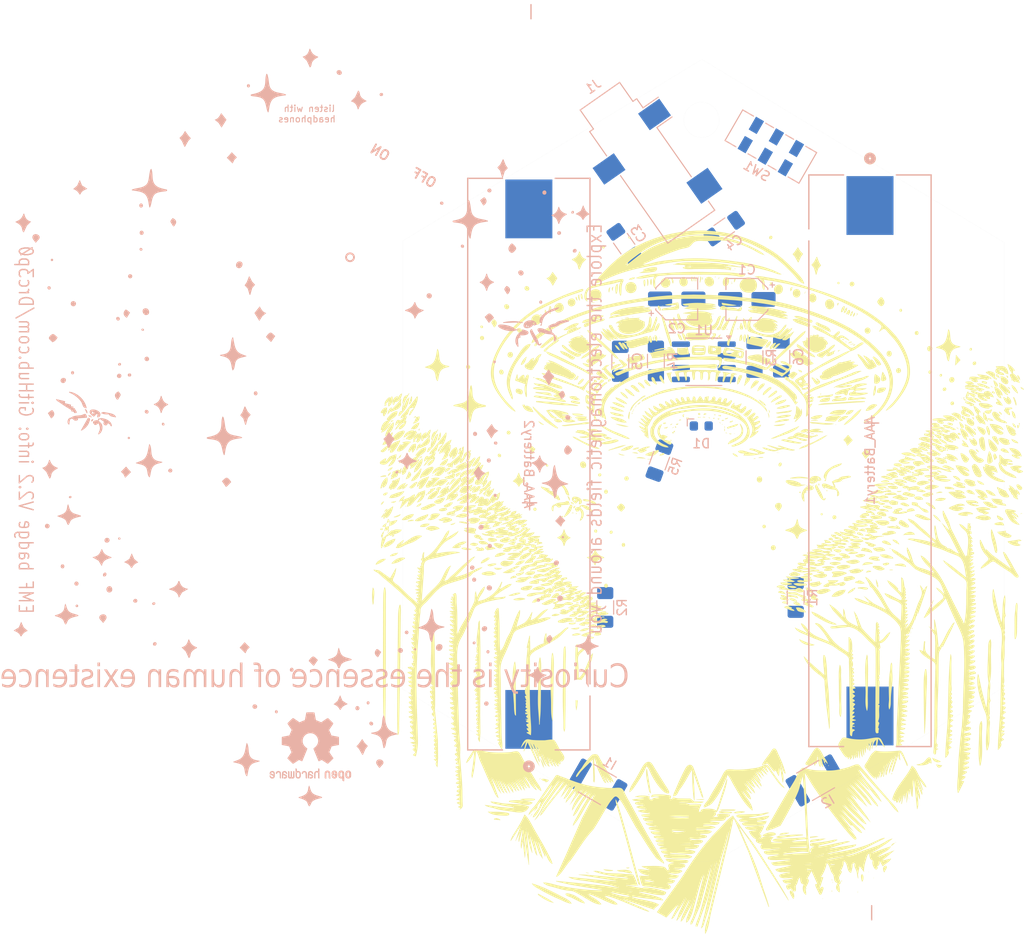
<source format=kicad_pcb>
(kicad_pcb (version 20240108) (generator "pcbnew") (generator_version "8.0")
  (layers (0 "F.Cu" signal) (31 "B.Cu" signal) (34 "B.Paste" user) (35 "F.Paste" user) (36 "B.SilkS" user "B.Silkscreen") (37 "F.SilkS" user "F.Silkscreen") (38 "B.Mask" user) (39 "F.Mask" user) (44 "Edge.Cuts" user))
  (net 0 "")
  (net 1 "+VDC")
  (net 2 "-VDC")
  (net 3 "Net-(C1-Pad2)")
  (net 4 "Net-(C2-Pad2)")
  (net 5 "GND")
  (net 6 "Net-(U1A--)")
  (net 7 "Net-(U1B--)")
  (net 8 "Net-(I1-Pad2)")
  (net 9 "Net-(I2-Pad2)")
  (net 10 "Net-(C1-Pad1)")
  (net 11 "Net-(C2-Pad1)")
  (net 12 "Net-(AAA_Battery1--)")
  (net 13 "Net-(AAA_Battery2--)")
  (net 16 "Net-(D1-A)")
  (footprint "Connector_Audio:Jack_3.5mm_CUI_SJ-3523-SMT_Horizontal" (layer "B.Cu") (at 198.194013 82.58618 -145)
    (property "Reference" "J1" (at 0 9.9 35) (layer "B.SilkS") (effects (justify mirror)))
    (property "Value" "AudioJack2_Ground_Switch")
    (pad "" np_thru_hole circle (at -0.000001 2.500001 215) (size 1.7 1.7) (drill 1.7) (layers "*.Cu" "*.Mask"))
    (pad "" np_thru_hole circle (at 0 -4.5 215) (size 1.7 1.7) (drill 1.7) (layers "*.Cu" "*.Mask"))
    (pad "R" smd rect (at 3.7 1.600001 215) (size 2.8 2.2) (layers "B.Cu" "B.Paste" "B.Mask") (net 3 "Net-(C1-Pad2)"))
    (pad "S" smd rect (at -3.7 3.6 215) (size 2.8 2.2) (layers "B.Cu" "B.Paste" "B.Mask") (net 5 "GND"))
    (pad "T" smd rect (at -3.7 -5.8 215) (size 2.8 2.8) (layers "B.Cu" "B.Paste" "B.Mask") (net 4 "Net-(C2-Pad2)"))
  )
  (footprint "Resistor_SMD:R_1206_3216Metric_Pad1.30x1.75mm_HandSolder" (layer "B.Cu") (at 199.31 104.14 90)
    (property "Reference" "R4" (at 0 1.82 -90) (layer "B.SilkS") (effects (justify mirror)))
    (property "Value" "100K")
    (pad "1" smd roundrect (at -1.55 0 90) (size 1.3 1.75) (layers "B.Cu" "B.Paste" "B.Mask") (roundrect_rratio 0.192308) (net 7 "Net-(U1B--)"))
    (pad "2" smd roundrect (at 1.55 0 90) (size 1.3 1.75) (layers "B.Cu" "B.Paste" "B.Mask") (roundrect_rratio 0.192308) (net 11 "Net-(C2-Pad1)"))
  )
  (footprint "Button_Switch_SMD:SW_DPDT_CK_JS202011JCQN" (layer "B.Cu") (at 211.725064 80.97923 -30)
    (property "Reference" "SW1" (at 0 3.05 150) (layer "B.SilkS") (effects (justify mirror)))
    (property "Value" "SW_DPDT_x2")
    (pad "1" smd rect (at -2.500001 1.2 330) (size 1 1.6) (layers "B.Cu" "B.Paste" "B.Mask") (net 12 "Net-(AAA_Battery1--)"))
    (pad "2" smd rect (at 0 1.2 330) (size 1 1.6) (layers "B.Cu" "B.Paste" "B.Mask") (net 5 "GND"))
    (pad "3" smd rect (at 2.5 1.199999 330) (size 1 1.6) (layers "B.Cu" "B.Paste" "B.Mask"))
    (pad "4" smd rect (at -2.5 -1.199999 330) (size 1 1.6) (layers "B.Cu" "B.Paste" "B.Mask") (net 2 "-VDC"))
    (pad "5" smd rect (at 0 -1.2 330) (size 1 1.6) (layers "B.Cu" "B.Paste" "B.Mask") (net 13 "Net-(AAA_Battery2--)"))
    (pad "6" smd rect (at 2.500001 -1.2 330) (size 1 1.6) (layers "B.Cu" "B.Paste" "B.Mask"))
  )
  (footprint "Resistor_SMD:R_1206_3216Metric_Pad1.30x1.75mm_HandSolder" (layer "B.Cu") (at 199.690131 114.908476 70)
    (property "Reference" "R5" (at 0.000001 1.82 70) (layer "B.SilkS") (effects (justify mirror)))
    (property "Value" "100")
    (pad "1" smd roundrect (at -1.55 0 70) (size 1.3 1.75) (layers "B.Cu" "B.Paste" "B.Mask") (roundrect_rratio 0.192308) (net 16 "Net-(D1-A)"))
    (pad "2" smd roundrect (at 1.55 0 70) (size 1.3 1.75) (layers "B.Cu" "B.Paste" "B.Mask") (roundrect_rratio 0.192308) (net 1 "+VDC"))
  )
  (footprint "Battery:AAA battery SMD" (layer "B.Cu") (at 222.435 114.9199 -90)
    (property "Reference" "AAA_Battery1" (at 0 0 90) (layer "B.SilkS") (effects (justify mirror)))
    (property "Value" "Spring_side->")
    (fp_text user "+" (at -4.074999 -0.025 90) (layer "B.SilkS") (effects (font (size 2 2)) (justify mirror)))
    (fp_text user "-" (at 48.825001 -0.024999 90) (layer "B.SilkS") (effects (font (size 2 2)) (justify mirror)))
    (pad "" np_thru_hole circle (at -24.3967 5.3086 270) (size 2.2352 2.2352) (drill 2.2352) (layers "*.Cu" "*.Mask"))
    (pad "1" smd rect (at -27.5717 0 270) (size 6.35 5.08) (layers "B.Cu" "B.Paste" "B.Mask") (net 1 "+VDC"))
    (pad "2" smd rect (at 27.5717 0 270) (size 6.35 5.08) (layers "B.Cu" "B.Paste" "B.Mask") (net 12 "Net-(AAA_Battery1--)"))
  )
  (footprint "LED_SMD:LED_Kingbright_APA1606_1.6x0.6mm_Horizontal" (layer "B.Cu") (at 204.209998 111.165001)
    (property "Reference" "D1" (at -0.000002 1.9 0) (layer "B.SilkS") (effects (justify mirror)))
    (property "Value" "LED")
    (pad "1" smd roundrect (at -0.800002 0.000001) (size 0.9 1) (layers "B.Cu" "B.Paste" "B.Mask") (net 2 "-VDC"))
    (pad "2" smd roundrect (at 0.800002 -0.000001) (size 0.9 1) (layers "B.Cu" "B.Paste" "B.Mask") (net 16 "Net-(D1-A)"))
  )
  (footprint "Capacitor_SMD:C_1206_3216Metric_Pad1.33x1.80mm_HandSolder" (layer "B.Cu") (at 206.689925 89.843787 35)
    (property "Reference" "C4" (at -0.000012 1.850001 35) (layer "B.SilkS") (effects (justify mirror)))
    (property "Value" "1uF")
    (pad "1" smd roundrect (at -1.5625 0 35) (size 1.325 1.8) (layers "B.Cu" "B.Paste" "B.Mask") (roundrect_rratio 0.188679) (net 5 "GND"))
    (pad "2" smd roundrect (at 1.5625 0 35) (size 1.325 1.8) (layers "B.Cu" "B.Paste" "B.Mask") (roundrect_rratio 0.188679) (net 4 "Net-(C2-Pad2)"))
  )
  (footprint "Capacitor_SMD:C_1206_3216Metric_Pad1.33x1.80mm_HandSolder" (layer "B.Cu") (at 195.46 104.1775 90)
    (property "Reference" "C5" (at -0.000003 1.85 90) (layer "B.SilkS") (effects (justify mirror)))
    (property "Value" "10pF")
    (pad "1" smd roundrect (at -1.5625 0 90) (size 1.325 1.8) (layers "B.Cu" "B.Paste" "B.Mask") (roundrect_rratio 0.188679) (net 7 "Net-(U1B--)"))
    (pad "2" smd roundrect (at 1.5625 0 90) (size 1.325 1.8) (layers "B.Cu" "B.Paste" "B.Mask") (roundrect_rratio 0.188679) (net 11 "Net-(C2-Pad1)"))
  )
  (footprint "Symbol:OSHW-Logo2_9.8x8mm_SilkScreen" (layer "B.Cu") (at 161.986079 145.813005 180)
    (property "Reference" "REF**" (hide yes))
    (property "Value" "OSHW-Logo2_9.8x8mm_SilkScreen" (hide yes))
  )
  (footprint "Package_SO:SOIC-8_3.9x4.9mm_P1.27mm" (layer "B.Cu") (at 204.485 104.23 180)
    (property "Reference" "U1" (at 0.000001 3.399998 0) (layer "B.SilkS") (effects (justify mirror)))
    (property "Value" "MCP6002-E/P")
    (pad "1" smd roundrect (at -2.475 1.905003 180) (size 1.95 0.6) (layers "B.Cu" "B.Paste" "B.Mask") (net 10 "Net-(C1-Pad1)"))
    (pad "2" smd roundrect (at -2.475004 0.634997 180) (size 1.95 0.6) (layers "B.Cu" "B.Paste" "B.Mask") (net 6 "Net-(U1A--)"))
    (pad "3" smd roundrect (at -2.474998 -0.634998 180) (size 1.95 0.6) (layers "B.Cu" "B.Paste" "B.Mask") (net 5 "GND"))
    (pad "4" smd roundrect (at -2.475002 -1.904997 180) (size 1.95 0.6) (layers "B.Cu" "B.Paste" "B.Mask") (net 2 "-VDC"))
    (pad "5" smd roundrect (at 2.475 -1.905003 180) (size 1.95 0.6) (layers "B.Cu" "B.Paste" "B.Mask") (net 5 "GND"))
    (pad "6" smd roundrect (at 2.475004 -0.634997 180) (size 1.95 0.6) (layers "B.Cu" "B.Paste" "B.Mask") (net 7 "Net-(U1B--)"))
    (pad "7" smd roundrect (at 2.474998 0.634998 180) (size 1.95 0.6) (layers "B.Cu" "B.Paste" "B.Mask") (net 11 "Net-(C2-Pad1)"))
    (pad "8" smd roundrect (at 2.475002 1.904997 180) (size 1.95 0.6) (layers "B.Cu" "B.Paste" "B.Mask") (net 1 "+VDC"))
  )
  (footprint "Inductor_SMD:L_1812_4532Metric_Pad1.30x3.40mm_HandSolder" (layer "B.Cu") (at 216.561906 149.452503 30)
    (property "Reference" "I2" (at 0.000004 2.650003 30) (layer "B.SilkS") (effects (justify mirror)))
    (property "Value" "10mH")
    (pad "1" smd roundrect (at -2.224998 -0.000002 30) (size 1.3 3.4) (layers "B.Cu" "B.Paste" "B.Mask") (roundrect_rratio 0.192308) (net 5 "GND"))
    (pad "2" smd roundrect (at 2.224998 0.000002 30) (size 1.3 3.4) (layers "B.Cu" "B.Paste" "B.Mask") (roundrect_rratio 0.192308) (net 9 "Net-(I2-Pad2)"))
  )
  (footprint "Capacitor_SMD:C_1206_3216Metric_Pad1.33x1.80mm_HandSolder" (layer "B.Cu") (at 212.86 103.7025 90)
    (property "Reference" "C6" (at -0.000003 1.85 90) (layer "B.SilkS") (effects (justify mirror)))
    (property "Value" "10pF")
    (pad "1" smd roundrect (at -1.5625 0 90) (size 1.325 1.8) (layers "B.Cu" "B.Paste" "B.Mask") (roundrect_rratio 0.188679) (net 6 "Net-(U1A--)"))
    (pad "2" smd roundrect (at 1.5625 0 90) (size 1.325 1.8) (layers "B.Cu" "B.Paste" "B.Mask") (roundrect_rratio 0.188679) (net 10 "Net-(C1-Pad1)"))
  )
  (footprint "Resistor_SMD:R_1206_3216Metric_Pad1.30x1.75mm_HandSolder" (layer "B.Cu") (at 193.835 130.765 90)
    (property "Reference" "R2" (at 0 1.82 -90) (layer "B.SilkS") (effects (justify mirror)))
    (property "Value" "100")
    (pad "1" smd roundrect (at -1.55 0 90) (size 1.3 1.75) (layers "B.Cu" "B.Paste" "B.Mask") (roundrect_rratio 0.192308) (net 8 "Net-(I1-Pad2)"))
    (pad "2" smd roundrect (at 1.55 0 90) (size 1.3 1.75) (layers "B.Cu" "B.Paste" "B.Mask") (roundrect_rratio 0.192308) (net 7 "Net-(U1B--)"))
  )
  (footprint "Capacitor_SMD:CP_Elec_4x3" (layer "B.Cu") (at 209.135 97.490001 180)
    (property "Reference" "C1" (at 0.000009 3.199995 360) (layer "B.SilkS") (effects (justify mirror)))
    (property "Value" "4.7u")
    (pad "1" smd roundrect (at -1.8 0.000001 180) (size 2.6 1.6) (layers "B.Cu" "B.Paste" "B.Mask") (roundrect_rratio 0.15625) (net 10 "Net-(C1-Pad1)"))
    (pad "2" smd roundrect (at 1.8 -0.000001 180) (size 2.6 1.6) (layers "B.Cu" "B.Paste" "B.Mask") (roundrect_rratio 0.15625) (net 3 "Net-(C1-Pad2)"))
  )
  (footprint "Capacitor_SMD:C_1206_3216Metric_Pad1.33x1.80mm_HandSolder" (layer "B.Cu") (at 195.881213 91.469925 125)
    (property "Reference" "C3" (at -0.000003 1.85 125) (layer "B.SilkS") (effects (justify mirror)))
    (property "Value" "1uF")
    (pad "1" smd roundrect (at -1.5625 0 125) (size 1.325 1.8) (layers "B.Cu" "B.Paste" "B.Mask") (roundrect_rratio 0.188679) (net 5 "GND"))
    (pad "2" smd roundrect (at 1.5625 0 125) (size 1.325 1.8) (layers "B.Cu" "B.Paste" "B.Mask") (roundrect_rratio 0.188679) (net 3 "Net-(C1-Pad2)"))
  )
  (footprint "Inductor_SMD:L_1812_4532Metric_Pad1.30x3.40mm_HandSolder" (layer "B.Cu") (at 192.9831 149.902498 150)
    (property "Reference" "I1" (at 0.000003 2.650005 150) (layer "B.SilkS") (effects (justify mirror)))
    (property "Value" "10mH")
    (pad "1" smd roundrect (at -2.224995 -0.000005 150) (size 1.3 3.4) (layers "B.Cu" "B.Paste" "B.Mask") (roundrect_rratio 0.192308) (net 5 "GND"))
    (pad "2" smd roundrect (at 2.224995 0.000005 150) (size 1.3 3.4) (layers "B.Cu" "B.Paste" "B.Mask") (roundrect_rratio 0.192308) (net 8 "Net-(I1-Pad2)"))
  )
  (footprint "Resistor_SMD:R_1206_3216Metric_Pad1.30x1.75mm_HandSolder" (layer "B.Cu") (at 209.96 103.765 90)
    (property "Reference" "R3" (at 0 1.82 -90) (layer "B.SilkS") (effects (justify mirror)))
    (property "Value" "100K")
    (pad "1" smd roundrect (at -1.55 0 90) (size 1.3 1.75) (layers "B.Cu" "B.Paste" "B.Mask") (roundrect_rratio 0.192308) (net 6 "Net-(U1A--)"))
    (pad "2" smd roundrect (at 1.55 0 90) (size 1.3 1.75) (layers "B.Cu" "B.Paste" "B.Mask") (roundrect_rratio 0.192308) (net 10 "Net-(C1-Pad1)"))
  )
  (footprint "Battery:AAA battery SMD" (layer "B.Cu") (at 185.585 115.2851 90)
    (property "Reference" "AAA_Battery2" (at 0 0 -90) (layer "B.SilkS") (effects (justify mirror)))
    (property "Value" "<-Spring_side")
    (fp_text user "-" (at 48.875 0.075 90) (layer "B.SilkS") (effects (font (size 2 2)) (justify mirror)))
    (fp_text user "+" (at -4.175001 -0.075001 90) (layer "B.SilkS") (effects (font (size 2 2)) (justify mirror)))
    (pad "" np_thru_hole circle (at -24.3967 5.3086 90) (size 2.2352 2.2352) (drill 2.2352) (layers "*.Cu" "*.Mask"))
    (pad "1" smd rect (at -27.5717 0 90) (size 6.35 5.08) (layers "B.Cu" "B.Paste" "B.Mask") (net 12 "Net-(AAA_Battery1--)"))
    (pad "2" smd rect (at 27.5717 0 90) (size 6.35 5.08) (layers "B.Cu" "B.Paste" "B.Mask") (net 13 "Net-(AAA_Battery2--)"))
  )
  (footprint "Resistor_SMD:R_1206_3216Metric_Pad1.30x1.75mm_HandSolder" (layer "B.Cu") (at 214.41 129.69 90)
    (property "Reference" "R1" (at 0 1.82 -90) (layer "B.SilkS") (effects (justify mirror)))
    (property "Value" "100")
    (pad "1" smd roundrect (at -1.55 0 90) (size 1.3 1.75) (layers "B.Cu" "B.Paste" "B.Mask") (roundrect_rratio 0.192308) (net 9 "Net-(I2-Pad2)"))
    (pad "2" smd roundrect (at 1.55 0 90) (size 1.3 1.75) (layers "B.Cu" "B.Paste" "B.Mask") (roundrect_rratio 0.192308) (net 6 "Net-(U1A--)"))
  )
  (footprint "Capacitor_SMD:CP_Elec_4x3" (layer "B.Cu") (at 201.560001 97.440001)
    (property "Reference" "C2" (at -0.000001 3.199999 0) (layer "B.SilkS") (effects (justify mirror)))
    (property "Value" "4.7u")
    (pad "1" smd roundrect (at -1.799999 0.000001) (size 2.6 1.6) (layers "B.Cu" "B.Paste" "B.Mask") (roundrect_rratio 0.15625) (net 11 "Net-(C2-Pad1)"))
    (pad "2" smd roundrect (at 1.799999 -0.000001) (size 2.6 1.6) (layers "B.Cu" "B.Paste" "B.Mask") (roundrect_rratio 0.15625) (net 4 "Net-(C2-Pad2)"))
  )
  (gr_poly (pts (xy 183.734424 99.836199) (xy 183.601254 99.84305) (xy 183.467864 99.854161) (xy 183.334174 99.869493) (xy 183.200104 99.889008) (xy 183.06557 99.912671) (xy 182.930489 99.940443) (xy 182.794782 99.972287) (xy 182.794782 100.040706) (xy 184.151298 99.994354) (xy 184.936693 100.040706) (xy 184.936693 99.972287) (xy 184.801792 99.939141) (xy 184.667412 99.910588) (xy 184.533469 99.886592) (xy 184.399884 99.867114) (xy 184.266572 99.852116) (xy 184.133452 99.841563) (xy 184.000442 99.835417) (xy 183.86746 99.833641)) (fill solid) (layer "B.SilkS"))
  (gr_poly (pts (xy 171.320237 115.992389) (xy 171.305361 115.995234) (xy 171.290757 115.999458) (xy 171.276511 116.004972) (xy 171.262705 116.011681) (xy 171.249426 116.019498) (xy 171.236754 116.028333) (xy 171.224773 116.038095) (xy 171.213567 116.048692) (xy 171.203221 116.060036) (xy 171.193816 116.072036) (xy 171.185438 116.084601) (xy 171.178169 116.097641) (xy 171.172094 116.111067) (xy 171.167296 116.124787) (xy 171.163858 116.138711) (xy 171.161863 116.152749) (xy 171.161395 116.16681) (xy 171.16254 116.180806) (xy 171.165378 116.194644) (xy 171.169995 116.208233) (xy 171.176473 116.221485) (xy 171.184897 116.23431) (xy 171.19535 116.246616) (xy 171.207915 116.258314) (xy 171.222675 116.269313) (xy 171.239412 116.279415) (xy 171.256128 116.287435) (xy 171.272762 116.293466) (xy 171.289245 116.297599) (xy 171.305513 116.299928) (xy 171.321503 116.300544) (xy 171.337146 116.299541) (xy 171.352377 116.297011) (xy 171.367134 116.293047) (xy 171.381349 116.287738) (xy 171.394958 116.281182) (xy 171.407894 116.273469) (xy 171.420095 116.264689) (xy 171.431492 116.254939) (xy 171.442021 116.244309) (xy 171.451618 116.232891) (xy 171.460217 116.220779) (xy 171.467752 116.208065) (xy 171.474158 116.194842) (xy 171.47937 116.181202) (xy 171.483323 116.167235) (xy 171.485952 116.153039) (xy 171.48719 116.138701) (xy 171.486974 116.124317) (xy 171.485237 116.109978) (xy 171.481914 116.095778) (xy 171.47694 116.081807) (xy 171.470249 116.06816) (xy 171.461778 116.054928) (xy 171.451459 116.042204) (xy 171.439229 116.03008) (xy 171.425022 116.01865) (xy 171.410567 116.009318) (xy 171.395803 116.001997) (xy 171.380811 115.996596) (xy 171.365675 115.993024) (xy 171.350479 115.991194) (xy 171.335304 115.991011)) (fill solid) (layer "B.SilkS"))
  (gr_poly (pts (xy 135.518935 130.368843) (xy 135.507812 130.388908) (xy 135.488322 130.430258) (xy 135.472081 130.473061) (xy 135.458582 130.517114) (xy 135.447314 130.562211) (xy 135.437771 130.608149) (xy 135.42182 130.701723) (xy 135.406658 130.796197) (xy 135.398103 130.843259) (xy 135.388219 130.889931) (xy 135.376498 130.936008) (xy 135.36243 130.981288) (xy 135.345508 131.025561) (xy 135.325222 131.068625) (xy 135.307615 131.100303) (xy 135.288748 131.130552) (xy 135.268674 131.159422) (xy 135.247442 131.186963) (xy 135.225102 131.213219) (xy 135.201707 131.238245) (xy 135.151951 131.284793) (xy 135.098574 131.326998) (xy 135.041986 131.365254) (xy 134.98259 131.399951) (xy 134.920788 131.431482) (xy 134.856989 131.46024) (xy 134.791595 131.486614) (xy 134.725012 131.510998) (xy 134.657645 131.533786) (xy 134.388428 131.616796) (xy 134.388428 131.68529) (xy 134.61893 131.759399) (xy 134.7385 131.799799) (xy 134.798121 131.821564) (xy 134.85716 131.844652) (xy 134.915259 131.869268) (xy 134.972064 131.895622) (xy 135.02722 131.923923) (xy 135.080369 131.954378) (xy 135.131159 131.987194) (xy 135.179233 132.022582) (xy 135.224235 132.060748) (xy 135.245475 132.080939) (xy 135.265811 132.101902) (xy 135.273754 132.111348) (xy 135.281636 132.122396) (xy 135.297251 132.148814) (xy 135.312736 132.18019) (xy 135.328169 132.215556) (xy 135.359197 132.294393) (xy 135.39096 132.377591) (xy 135.407315 132.418411) (xy 135.424089 132.45742) (xy 135.441363 132.493653) (xy 135.459214 132.526143) (xy 135.46838 132.540683) (xy 135.47772 132.553924) (xy 135.487243 132.565746) (xy 135.496962 132.57603) (xy 135.506882 132.584651) (xy 135.517015 132.591491) (xy 135.527372 132.59643) (xy 135.53796 132.599345) (xy 135.547654 132.599783) (xy 135.557393 132.597854) (xy 135.567171 132.593699) (xy 135.576974 132.587457) (xy 135.586796 132.579267) (xy 135.596626 132.569271) (xy 135.616275 132.544417) (xy 135.635842 132.514016) (xy 135.655252 132.479186) (xy 135.674429 132.441049) (xy 135.693294 132.400723) (xy 135.764134 132.239944) (xy 135.780306 132.205479) (xy 135.795709 132.175547) (xy 135.810269 132.151267) (xy 135.823906 132.133759) (xy 135.878085 132.081735) (xy 135.935758 132.034957) (xy 135.99659 131.992987) (xy 136.060249 131.955386) (xy 136.126402 131.921716) (xy 136.194713 131.891537) (xy 136.26485 131.864411) (xy 136.336481 131.839902) (xy 136.40927 131.817567) (xy 136.482883 131.796968) (xy 136.631254 131.759228) (xy 136.778923 131.723172) (xy 136.923225 131.68529) (xy 136.923225 131.616796) (xy 136.856366 131.583495) (xy 136.787575 131.554469) (xy 136.717248 131.52887) (xy 136.645777 131.50586) (xy 136.356363 131.422837) (xy 136.2851 131.400123) (xy 136.215064 131.374942) (xy 136.146647 131.34645) (xy 136.080246 131.313805) (xy 136.047925 131.295662) (xy 136.016254 131.276164) (xy 135.985286 131.255207) (xy 135.955068 131.232684) (xy 135.92565 131.208491) (xy 135.897081 131.182523) (xy 135.86941 131.154674) (xy 135.842688 131.12484) (xy 135.813307 131.08695) (xy 135.786253 131.045757) (xy 135.761309 131.001665) (xy 135.738262 130.955081) (xy 135.716893 130.90641) (xy 135.69699 130.856057) (xy 135.678335 130.804426) (xy 135.660714 130.751926) (xy 135.596246 130.541322) (xy 135.564605 130.441337) (xy 135.548179 130.394091) (xy 135.53106 130.349218)) (fill solid) (layer "B.SilkS"))
  (gr_poly (pts (xy 188.958952 129.48583) (xy 188.92421 129.490802) (xy 188.886753 129.499783) (xy 188.852331 129.511548) (xy 188.820897 129.525881) (xy 188.792403 129.542564) (xy 188.766802 129.561386) (xy 188.744049 129.582127) (xy 188.724096 129.604575) (xy 188.706895 129.628513) (xy 188.692399 129.653727) (xy 188.680563 129.679999) (xy 188.671337 129.707115) (xy 188.664678 129.734861) (xy 188.660536 129.76302) (xy 188.658866 129.791377) (xy 188.659618 129.819715) (xy 188.662748 129.847823) (xy 188.668209 129.875479) (xy 188.675953 129.902474) (xy 188.685933 129.928589) (xy 188.698102 129.953609) (xy 188.712413 129.977319) (xy 188.72882 129.999504) (xy 188.747275 130.019949) (xy 188.767732 130.038436) (xy 188.790143 130.054752) (xy 188.814462 130.068681) (xy 188.840641 130.080008) (xy 188.868635 130.088517) (xy 188.898395 130.093992) (xy 188.929874 130.096219) (xy 188.963026 130.094982) (xy 188.997805 130.090065) (xy 189.034148 130.081372) (xy 189.067599 130.069856) (xy 189.098196 130.055733) (xy 189.125981 130.039222) (xy 189.150991 130.020541) (xy 189.173269 129.999904) (xy 189.192854 129.977534) (xy 189.209785 129.953645) (xy 189.224103 129.928457) (xy 189.235848 129.902185) (xy 189.24506 129.875049) (xy 189.251779 129.847265) (xy 189.256045 129.819052) (xy 189.257897 129.790625) (xy 189.257377 129.762205) (xy 189.254523 129.734008) (xy 189.249377 129.706252) (xy 189.241976 129.679155) (xy 189.232364 129.652933) (xy 189.220578 129.627805) (xy 189.206659 129.603988) (xy 189.190647 129.581701) (xy 189.172582 129.56116) (xy 189.152504 129.542583) (xy 189.130452 129.526189) (xy 189.106468 129.512194) (xy 189.080591 129.500816) (xy 189.052861 129.492273) (xy 189.023317 129.486782) (xy 188.992001 129.484562)) (fill solid) (layer "B.SilkS"))
  (gr_poly (pts (xy 147.715133 127.963477) (xy 147.698819 128.011542) (xy 147.681497 128.057094) (xy 147.663166 128.100242) (xy 147.64382 128.141091) (xy 147.623461 128.179753) (xy 147.602084 128.216331) (xy 147.579688 128.250935) (xy 147.55627 128.283673) (xy 147.531829 128.314653) (xy 147.506363 128.343981) (xy 147.479869 128.371766) (xy 147.423788 128.423138) (xy 147.363569 128.469628) (xy 147.299196 128.5121) (xy 147.230649 128.551416) (xy 147.157914 128.588435) (xy 147.080971 128.624023) (xy 146.914395 128.694344) (xy 146.730779 128.769273) (xy 146.730779 128.8378) (xy 146.829758 128.8617) (xy 146.925046 128.88678) (xy 147.016452 128.913633) (xy 147.103791 128.942854) (xy 147.186873 128.975035) (xy 147.265512 129.010772) (xy 147.303106 129.030158) (xy 147.339518 129.050657) (xy 147.374726 129.072341) (xy 147.408704 129.095283) (xy 147.44143 129.11956) (xy 147.472882 129.145245) (xy 147.503034 129.172412) (xy 147.531863 129.201138) (xy 147.559346 129.231491) (xy 147.585459 129.263552) (xy 147.610179 129.297391) (xy 147.633483 129.333083) (xy 147.655346 129.370703) (xy 147.675746 129.410325) (xy 147.694658 129.452022) (xy 147.71206 129.495871) (xy 147.727927 129.541942) (xy 147.742238 129.590314) (xy 147.754965 129.641057) (xy 147.766089 129.694248) (xy 147.801734 129.694248) (xy 148.132908 129.141997) (xy 148.801015 128.769273) (xy 148.696865 128.745914) (xy 148.600474 128.720853) (xy 148.511435 128.693592) (xy 148.429339 128.663635) (xy 148.353778 128.630483) (xy 148.318321 128.612553) (xy 148.284346 128.593639) (xy 148.251801 128.573678) (xy 148.220634 128.552608) (xy 148.190796 128.530365) (xy 148.162235 128.50689) (xy 148.134899 128.482118) (xy 148.10874 128.455989) (xy 148.083705 128.42844) (xy 148.059744 128.399408) (xy 148.036805 128.368832) (xy 148.014837 128.33665) (xy 147.993789 128.302798) (xy 147.973612 128.267216) (xy 147.954254 128.229841) (xy 147.935662 128.190611) (xy 147.900578 128.106336) (xy 147.867954 128.013896) (xy 147.837382 127.912791) (xy 147.73044 127.912791)) (fill solid) (layer "B.SilkS"))
  (gr_poly (pts (xy 142.486604 94.762874) (xy 142.465995 94.766828) (xy 142.446112 94.772788) (xy 142.427038 94.780627) (xy 142.408857 94.790211) (xy 142.391653 94.80141) (xy 142.375508 94.814094) (xy 142.360507 94.828133) (xy 142.346735 94.843393) (xy 142.334275 94.859748) (xy 142.323208 94.877063) (xy 142.313621 94.895209) (xy 142.305598 94.914056) (xy 142.29922 94.933472) (xy 142.294572 94.953327) (xy 142.291739 94.973489) (xy 142.290801 94.993829) (xy 142.291848 95.014216) (xy 142.294958 95.034518) (xy 142.300217 95.054604) (xy 142.307709 95.074346) (xy 142.317517 95.093612) (xy 142.329725 95.112269) (xy 142.344416 95.130189) (xy 142.361675 95.147239) (xy 142.381586 95.163291) (xy 142.404231 95.178211) (xy 142.429933 95.191965) (xy 142.455168 95.2025) (xy 142.47986 95.209967) (xy 142.503934 95.214524) (xy 142.527317 95.216323) (xy 142.549932 95.215522) (xy 142.571701 95.212273) (xy 142.592553 95.206734) (xy 142.612408 95.199056) (xy 142.631194 95.189397) (xy 142.648833 95.177909) (xy 142.665252 95.16475) (xy 142.680372 95.150072) (xy 142.694122 95.13403) (xy 142.706421 95.11678) (xy 142.717198 95.098477) (xy 142.726376 95.079274) (xy 142.733879 95.059328) (xy 142.739632 95.038792) (xy 142.74356 95.017822) (xy 142.745585 94.996573) (xy 142.745635 94.975198) (xy 142.743632 94.953854) (xy 142.739502 94.932693) (xy 142.733168 94.911873) (xy 142.724556 94.891546) (xy 142.713589 94.871869) (xy 142.700193 94.852995) (xy 142.68429 94.835081) (xy 142.665808 94.81828) (xy 142.644669 94.802747) (xy 142.620799 94.788636) (xy 142.597597 94.777798) (xy 142.574617 94.769752) (xy 142.551944 94.764368) (xy 142.529662 94.761514) (xy 142.507853 94.76106)) (fill solid) (layer "B.SilkS"))
  (gr_poly (pts (xy 187.831267 133.771541) (xy 187.801746 133.786175) (xy 187.773428 133.801487) (xy 187.746346 133.81746) (xy 187.720531 133.83408) (xy 187.696016 133.851331) (xy 187.672833 133.869199) (xy 187.651015 133.887666) (xy 187.630596 133.906723) (xy 187.611607 133.92635) (xy 187.594081 133.946536) (xy 187.578051 133.967264) (xy 187.563548 133.98852) (xy 187.550607 134.010286) (xy 187.53926 134.032553) (xy 187.529538 134.055301) (xy 187.521473 134.078518) (xy 187.515101 134.102187) (xy 187.510452 134.126295) (xy 187.50756 134.150827) (xy 187.506456 134.175768) (xy 187.507174 134.201102) (xy 187.509746 134.226815) (xy 187.514204 134.252893) (xy 187.520582 134.27932) (xy 187.528911 134.306081) (xy 187.539225 134.333162) (xy 187.551557 134.360547) (xy 187.565936 134.388223) (xy 187.582399 134.416173) (xy 187.600976 134.444383) (xy 187.608571 134.455923) (xy 187.616255 134.46856) (xy 187.632074 134.496267) (xy 187.648818 134.525775) (xy 187.657654 134.540665) (xy 187.666866 134.555355) (xy 187.676501 134.56963) (xy 187.686604 134.583276) (xy 187.697226 134.596073) (xy 187.702747 134.602087) (xy 187.708415 134.607808) (xy 187.714235 134.613209) (xy 187.720215 134.618263) (xy 187.72636 134.622943) (xy 187.732678 134.627223) (xy 187.739172 134.631073) (xy 187.74585 134.634469) (xy 187.752716 134.637383) (xy 187.759779 134.639788) (xy 187.76928 134.642062) (xy 187.778497 134.643144) (xy 187.787436 134.643098) (xy 187.796105 134.641984) (xy 187.804511 134.639865) (xy 187.81266 134.636803) (xy 187.820558 134.632861) (xy 187.828215 134.628099) (xy 187.835634 134.622581) (xy 187.842825 134.616368) (xy 187.849793 134.609525) (xy 187.856545 134.602111) (xy 187.869432 134.585822) (xy 187.881536 134.567998) (xy 187.956837 134.429852) (xy 188.001208 134.366652) (xy 188.038593 134.311196) (xy 188.069111 134.262405) (xy 188.08183 134.240172) (xy 188.092876 134.219202) (xy 188.102264 134.199359) (xy 188.110007 134.18051) (xy 188.11612 134.162518) (xy 188.120619 134.145249) (xy 188.123517 134.128571) (xy 188.124828 134.112344) (xy 188.124567 134.096438) (xy 188.12275 134.080717) (xy 188.119391 134.065046) (xy 188.114503 134.04929) (xy 188.108102 134.033313) (xy 188.100202 134.016983) (xy 188.090817 134.000163) (xy 188.079963 133.98272) (xy 188.053904 133.945425) (xy 188.02214 133.904019) (xy 187.984787 133.857424) (xy 187.893783 133.744356)) (fill solid) (layer "B.SilkS"))
  (gr_poly (pts (xy 155.936687 141.228751) (xy 155.913073 141.232949) (xy 155.890644 141.239499) (xy 155.869456 141.248238) (xy 155.84956 141.259006) (xy 155.831012 141.27164) (xy 155.813865 141.285978) (xy 155.798174 141.301858) (xy 155.783989 141.319118) (xy 155.771368 141.337596) (xy 155.760361 141.357129) (xy 155.751026 141.377556) (xy 155.743413 141.398716) (xy 155.737578 141.420445) (xy 155.733573 141.442581) (xy 155.731454 141.464964) (xy 155.731272 141.48743) (xy 155.733083 141.509818) (xy 155.736939 141.531964) (xy 155.742896 141.55371) (xy 155.751005 141.57489) (xy 155.761321 141.595344) (xy 155.773899 141.614908) (xy 155.788791 141.633423) (xy 155.806049 141.650724) (xy 155.825732 141.666651) (xy 155.84789 141.681041) (xy 155.872578 141.693733) (xy 155.90173 141.705405) (xy 155.930234 141.713745) (xy 155.958007 141.71892) (xy 155.984966 141.721099) (xy 156.011026 141.720448) (xy 156.036105 141.717139) (xy 156.060119 141.711338) (xy 156.082985 141.703214) (xy 156.104621 141.692934) (xy 156.124941 141.680669) (xy 156.143862 141.666584) (xy 156.161303 141.650848) (xy 156.177179 141.633631) (xy 156.191407 141.6151) (xy 156.203904 141.595425) (xy 156.214584 141.574771) (xy 156.223368 141.553309) (xy 156.230171 141.531205) (xy 156.234908 141.50863) (xy 156.237496 141.48575) (xy 156.237854 141.462735) (xy 156.235896 141.439751) (xy 156.231541 141.416969) (xy 156.224704 141.394555) (xy 156.215301 141.372678) (xy 156.203252 141.351508) (xy 156.18847 141.33121) (xy 156.170873 141.311955) (xy 156.150378 141.293909) (xy 156.126901 141.277243) (xy 156.100359 141.262123) (xy 156.070669 141.248718) (xy 156.041931 141.238724) (xy 156.01411 141.231892) (xy 155.98726 141.228061) (xy 155.961434 141.227068)) (fill solid) (layer "B.SilkS"))
  (gr_poly (pts (xy 136.797653 85.188244) (xy 136.356585 85.569363) (xy 136.415 85.59) (xy 136.471258 85.61249) (xy 136.525363 85.63689) (xy 136.577321 85.66325) (xy 136.627135 85.691622) (xy 136.67481 85.722061) (xy 136.720348 85.754619) (xy 136.763757 85.789348) (xy 136.805037 85.826301) (xy 136.844196 85.865534) (xy 136.881236 85.907094) (xy 136.916162 85.951038) (xy 136.948977 85.997418) (xy 136.979686 86.046286) (xy 137.008296 86.097695) (xy 137.034806 86.151699) (xy 137.1419 86.151699) (xy 137.154096 86.118702) (xy 137.167233 86.087134) (xy 137.181291 86.056941) (xy 137.196246 86.028068) (xy 137.212076 86.000461) (xy 137.228763 85.974064) (xy 137.24628 85.948825) (xy 137.26461 85.924689) (xy 137.283729 85.901602) (xy 137.303616 85.879509) (xy 137.324248 85.858357) (xy 137.345606 85.838089) (xy 137.367667 85.818654) (xy 137.390408 85.799995) (xy 137.437848 85.764792) (xy 137.487752 85.732048) (xy 137.539948 85.701325) (xy 137.594261 85.672191) (xy 137.650519 85.644212) (xy 137.768176 85.589979) (xy 137.891532 85.535152) (xy 137.319797 85.179784) (xy 137.070494 84.576109)) (fill solid) (layer "B.SilkS"))
  (gr_poly (pts (xy 133.740304 114.908938) (xy 133.716948 114.98661) (xy 133.69228 115.060488) (xy 133.665777 115.130592) (xy 133.636909 115.196939) (xy 133.605155 115.259545) (xy 133.588029 115.289452) (xy 133.569986 115.31843) (xy 133.550956 115.346483) (xy 133.530876 115.373612) (xy 133.509681 115.399819) (xy 133.487304 115.425107) (xy 133.463678 115.449478) (xy 133.43874 115.472935) (xy 133.412423 115.495478) (xy 133.384661 115.517112) (xy 133.355388 115.537836) (xy 133.324539 115.557656) (xy 133.292049 115.576571) (xy 133.25785 115.594585) (xy 133.22188 115.6117) (xy 133.18407 115.627918) (xy 133.144355 115.643241) (xy 133.102671 115.657671) (xy 133.058949 115.671211) (xy 133.013127 115.683863) (xy 133.467343 116.132669) (xy 133.798521 116.848912) (xy 133.817534 116.840695) (xy 133.83509 116.831129) (xy 133.851269 116.820283) (xy 133.866141 116.808227) (xy 133.879784 116.795035) (xy 133.892272 116.780775) (xy 133.903679 116.765518) (xy 133.914081 116.749333) (xy 133.923553 116.732294) (xy 133.93217 116.71447) (xy 133.947136 116.676748) (xy 133.959579 116.636732) (xy 133.970097 116.594989) (xy 134.004911 116.42202) (xy 134.014795 116.380105) (xy 134.026348 116.339849) (xy 134.040171 116.301817) (xy 134.048122 116.283812) (xy 134.056863 116.266574) (xy 134.083212 116.222027) (xy 134.112246 116.179641) (xy 134.143773 116.139305) (xy 134.177593 116.100915) (xy 134.213511 116.06436) (xy 134.251332 116.029535) (xy 134.290855 115.996332) (xy 134.331887 115.964641) (xy 134.37423 115.934355) (xy 134.41769 115.905367) (xy 134.462066 115.877569) (xy 134.507166 115.850853) (xy 134.598745 115.800238) (xy 134.690853 115.752657) (xy 134.690853 115.683863) (xy 134.600661 115.650581) (xy 134.517501 115.616419) (xy 134.440915 115.580985) (xy 134.37044 115.543892) (xy 134.305619 115.50475) (xy 134.245991 115.463167) (xy 134.191096 115.418755) (xy 134.140475 115.371126) (xy 134.093669 115.319886) (xy 134.050214 115.26465) (xy 134.009654 115.205027) (xy 133.971529 115.140625) (xy 133.935377 115.071058) (xy 133.90074 114.995934) (xy 133.867158 114.914863) (xy 133.83417 114.827457) (xy 133.762873 114.827457)) (fill solid) (layer "B.SilkS"))
  (gr_poly (pts (xy 186.457086 137.261513) (xy 186.44079 137.309577) (xy 186.423486 137.355127) (xy 186.405169 137.398272) (xy 186.38584 137.439121) (xy 186.365494 137.477779) (xy 186.344133 137.514356) (xy 186.32175 137.548961) (xy 186.298347 137.581698) (xy 186.273918 137.612677) (xy 186.248462 137.642005) (xy 186.221978 137.669789) (xy 186.165915 137.721161) (xy 186.105711 137.76765) (xy 186.041348 137.810123) (xy 185.972809 137.849438) (xy 185.900074 137.886458) (xy 185.823128 137.922042) (xy 185.656529 137.992357) (xy 185.472871 138.067275) (xy 185.472871 138.135807) (xy 185.571849 138.159707) (xy 185.667139 138.184787) (xy 185.758549 138.211641) (xy 185.845894 138.240864) (xy 185.928981 138.273048) (xy 186.007624 138.308786) (xy 186.04522 138.328175) (xy 186.081634 138.348674) (xy 186.116843 138.37036) (xy 186.150821 138.393304) (xy 186.183548 138.417583) (xy 186.214997 138.44327) (xy 186.245147 138.470439) (xy 186.273973 138.499164) (xy 186.301452 138.529521) (xy 186.327562 138.561582) (xy 186.352276 138.595421) (xy 186.375571 138.631115) (xy 186.397426 138.668736) (xy 186.417815 138.708358) (xy 186.436716 138.750057) (xy 186.454104 138.793906) (xy 186.469957 138.839978) (xy 186.484249 138.888349) (xy 186.49696 138.939094) (xy 186.508063 138.992284) (xy 186.543746 138.992284) (xy 186.875 138.44) (xy 187.543253 138.067275) (xy 187.439102 138.043918) (xy 187.342706 138.018859) (xy 187.253655 137.9916) (xy 187.171545 137.961645) (xy 187.095969 137.928496) (xy 187.060504 137.910569) (xy 187.026518 137.891656) (xy 186.993964 137.871697) (xy 186.962788 137.850628) (xy 186.932942 137.828388) (xy 186.904371 137.804914) (xy 186.877027 137.780144) (xy 186.850859 137.754016) (xy 186.825817 137.726469) (xy 186.801848 137.697439) (xy 186.778902 137.666864) (xy 186.756927 137.634684) (xy 186.735875 137.600833) (xy 186.715693 137.565253) (xy 186.69633 137.527878) (xy 186.677737 137.48865) (xy 186.642652 137.404377) (xy 186.610034 137.311936) (xy 186.579471 137.21083) (xy 186.472377 137.21083)) (fill solid) (layer "B.SilkS"))
  (gr_poly (pts (xy 181.925557 118.484057) (xy 181.908442 118.48628) (xy 181.892183 118.490271) (xy 181.876824 118.495913) (xy 181.862409 118.50309) (xy 181.84898 118.511684) (xy 181.83658 118.521577) (xy 181.825252 118.532652) (xy 181.81504 118.544794) (xy 181.805986 118.557885) (xy 181.798133 118.571808) (xy 181.791524 118.586446) (xy 181.786203 118.601681) (xy 181.782211 118.617396) (xy 181.779592 118.633475) (xy 181.77839 118.649802) (xy 181.778648 118.666257) (xy 181.780405 118.682725) (xy 181.78371 118.699089) (xy 181.788601 118.715232) (xy 181.795124 118.731035) (xy 181.803321 118.746383) (xy 181.813235 118.761159) (xy 181.824909 118.775245) (xy 181.838385 118.788525) (xy 181.853708 118.80088) (xy 181.870919 118.812195) (xy 181.890063 118.822353) (xy 181.91083 118.831092) (xy 181.930968 118.837416) (xy 181.950431 118.841446) (xy 181.969174 118.843301) (xy 181.987154 118.843103) (xy 182.004327 118.840974) (xy 182.020648 118.837033) (xy 182.036073 118.831402) (xy 182.050558 118.824201) (xy 182.064059 118.815552) (xy 182.076529 118.805576) (xy 182.087928 118.794394) (xy 182.09821 118.782124) (xy 182.10733 118.768891) (xy 182.115245 118.754815) (xy 182.12191 118.740014) (xy 182.127282 118.724612) (xy 182.131314 118.70873) (xy 182.133964 118.692486) (xy 182.135188 118.676003) (xy 182.134941 118.659402) (xy 182.133178 118.642803) (xy 182.129857 118.626328) (xy 182.124932 118.610098) (xy 182.118358 118.594232) (xy 182.110094 118.578852) (xy 182.100092 118.56408) (xy 182.088311 118.550035) (xy 182.074704 118.53684) (xy 182.059229 118.524615) (xy 182.041841 118.51348) (xy 182.022495 118.503556) (xy 182.001737 118.495184) (xy 181.98162 118.489166) (xy 181.962191 118.485382) (xy 181.943488 118.483719)) (fill solid) (layer "B.SilkS"))
  (gr_poly (pts (xy 145.171285 134.504222) (xy 145.151616 134.507073) (xy 145.132681 134.511914) (xy 145.11454 134.518612) (xy 145.097254 134.52703) (xy 145.080881 134.537034) (xy 145.065486 134.54849) (xy 145.051127 134.561261) (xy 145.037865 134.575213) (xy 145.025761 134.590211) (xy 145.014874 134.606119) (xy 145.005265 134.622804) (xy 144.996997 134.64013) (xy 144.990129 134.657962) (xy 144.98472 134.676163) (xy 144.980833 134.694602) (xy 144.978528 134.71314) (xy 144.977866 134.731645) (xy 144.978905 134.749982) (xy 144.981707 134.768012) (xy 144.986334 134.785606) (xy 144.992847 134.802624) (xy 145.001303 134.818934) (xy 145.011765 134.834399) (xy 145.024294 134.848884) (xy 145.03895 134.862256) (xy 145.055794 134.874379) (xy 145.074885 134.885117) (xy 145.096286 134.894336) (xy 145.117722 134.901026) (xy 145.138752 134.905129) (xy 145.15931 134.906784) (xy 145.179331 134.906131) (xy 145.198747 134.903308) (xy 145.217496 134.898454) (xy 145.235511 134.891711) (xy 145.252728 134.883215) (xy 145.269078 134.873105) (xy 145.284498 134.861522) (xy 145.298925 134.848605) (xy 145.31229 134.834492) (xy 145.324528 134.819322) (xy 145.335574 134.803235) (xy 145.345364 134.786371) (xy 145.353831 134.768868) (xy 145.360911 134.750864) (xy 145.366537 134.7325) (xy 145.370644 134.713914) (xy 145.373167 134.695245) (xy 145.374041 134.676633) (xy 145.373201 134.658216) (xy 145.370579 134.640134) (xy 145.366113 134.622527) (xy 145.359733 134.605534) (xy 145.351379 134.589292) (xy 145.340983 134.573941) (xy 145.328479 134.55962) (xy 145.313803 134.54647) (xy 145.296888 134.534629) (xy 145.27767 134.524235) (xy 145.256083 134.515426) (xy 145.234086 134.508965) (xy 145.21258 134.505033) (xy 145.191627 134.503496)) (fill solid) (layer "B.SilkS"))
  (gr_poly (pts (xy 133.740664 96.062028) (xy 133.720708 96.065268) (xy 133.698332 96.0712) (xy 133.678035 96.078834) (xy 133.659775 96.088032) (xy 133.643504 96.098657) (xy 133.629183 96.110572) (xy 133.616764 96.12364) (xy 133.606206 96.137726) (xy 133.597466 96.15269) (xy 133.590498 96.168396) (xy 133.58526 96.184707) (xy 133.581707 96.201486) (xy 133.579797 96.218595) (xy 133.579485 96.2359) (xy 133.580728 96.25326) (xy 133.583482 96.27054) (xy 133.587704 96.287602) (xy 133.59335 96.304309) (xy 133.600375 96.320526) (xy 133.608737 96.336113) (xy 133.618393 96.350934) (xy 133.629298 96.364853) (xy 133.641409 96.377731) (xy 133.65468 96.389432) (xy 133.669072 96.39982) (xy 133.684537 96.408756) (xy 133.701032 96.416105) (xy 133.718516 96.421727) (xy 133.736944 96.425487) (xy 133.756271 96.427247) (xy 133.776456 96.426872) (xy 133.797452 96.424222) (xy 133.819217 96.419162) (xy 133.838772 96.412512) (xy 133.856495 96.404372) (xy 133.872423 96.39486) (xy 133.886595 96.384098) (xy 133.899047 96.372206) (xy 133.909815 96.359306) (xy 133.918938 96.345518) (xy 133.926453 96.330963) (xy 133.932395 96.315761) (xy 133.936802 96.300033) (xy 133.939713 96.283899) (xy 133.941164 96.267481) (xy 133.941191 96.2509) (xy 133.939832 96.234277) (xy 133.937126 96.217729) (xy 133.933107 96.201381) (xy 133.927813 96.18535) (xy 133.921283 96.169761) (xy 133.913551 96.154732) (xy 133.904657 96.140383) (xy 133.894636 96.126837) (xy 133.883527 96.114213) (xy 133.871366 96.102632) (xy 133.858189 96.092215) (xy 133.844036 96.083084) (xy 133.828941 96.075356) (xy 133.812945 96.069156) (xy 133.796081 96.064602) (xy 133.778388 96.061816) (xy 133.759904 96.060917)) (fill solid) (layer "B.SilkS"))
  (gr_poly (pts (xy 134.059772 93.094343) (xy 134.047354 93.095961) (xy 134.03534 93.098815) (xy 134.02378 93.102824) (xy 134.012722 93.107913) (xy 134.002219 93.114) (xy 133.992317 93.121009) (xy 133.983068 93.128862) (xy 133.974522 93.137479) (xy 133.966727 93.146785) (xy 133.959733 93.156697) (xy 133.953591 93.16714) (xy 133.94835 93.178035) (xy 133.944059 93.189303) (xy 133.940769 93.200869) (xy 133.938528 93.21265) (xy 133.937388 93.224571) (xy 133.937396 93.23655) (xy 133.938604 93.248514) (xy 133.941061 93.260381) (xy 133.944816 93.272075) (xy 133.949919 93.283515) (xy 133.95642 93.294625) (xy 133.964368 93.305326) (xy 133.973814 93.315539) (xy 133.984807 93.325187) (xy 133.997396 93.334191) (xy 134.011167 93.342193) (xy 134.024849 93.34839) (xy 134.03839 93.352865) (xy 134.051738 93.355704) (xy 134.064845 93.356992) (xy 134.077658 93.356812) (xy 134.090125 93.355251) (xy 134.102197 93.352392) (xy 134.11382 93.348322) (xy 134.124946 93.343123) (xy 134.135521 93.336882) (xy 134.145496 93.329681) (xy 134.154817 93.321607) (xy 134.163436 93.312746) (xy 134.1713 93.303179) (xy 134.178359 93.292993) (xy 134.18456 93.282273) (xy 134.189855 93.271103) (xy 134.19419 93.259568) (xy 134.197515 93.247753) (xy 134.199777 93.235741) (xy 134.200929 93.22362) (xy 134.200914 93.211471) (xy 134.199686 93.199381) (xy 134.197192 93.187436) (xy 134.193381 93.175717) (xy 134.188199 93.164312) (xy 134.1816 93.153304) (xy 134.173529 93.14278) (xy 134.163937 93.132821) (xy 134.152772 93.123514) (xy 134.139981 93.114944) (xy 134.126183 93.107511) (xy 134.11249 93.101782) (xy 134.098953 93.097678) (xy 134.085622 93.095123) (xy 134.072544 93.094038)) (fill solid) (layer "B.SilkS"))
  (gr_poly (pts (xy 185.879324 100.702218) (xy 185.859722 100.713213) (xy 185.841488 100.724457) (xy 185.824594 100.735956) (xy 185.809011 100.747709) (xy 185.794712 100.759722) (xy 185.781668 100.771996) (xy 185.769852 100.784533) (xy 185.759236 100.797336) (xy 185.74979 100.810408) (xy 185.741487 100.823752) (xy 185.734301 100.837369) (xy 185.728199 100.851264) (xy 185.723159 100.865436) (xy 185.719148 100.87989) (xy 185.716141 100.894629) (xy 185.714108 100.909655) (xy 185.713021 100.924968) (xy 185.712854 100.940575) (xy 185.713577 100.956475) (xy 185.715162 100.972674) (xy 185.717582 100.989171) (xy 185.720808 101.005969) (xy 185.724812 101.023074) (xy 185.729566 101.040484) (xy 185.735042 101.058205) (xy 185.748049 101.094585) (xy 185.763607 101.132235) (xy 185.781491 101.171175) (xy 185.934972 101.490938) (xy 186.02353 101.66567) (xy 186.070823 101.753781) (xy 186.120146 101.841257) (xy 186.171518 101.927249) (xy 186.224955 102.01091) (xy 186.280473 102.091392) (xy 186.338091 102.167847) (xy 186.397824 102.239426) (xy 186.45969 102.305282) (xy 186.523705 102.364564) (xy 186.589885 102.416426) (xy 186.608746 102.428993) (xy 186.6273 102.439762) (xy 186.645536 102.448786) (xy 186.663436 102.456122) (xy 186.680987 102.461825) (xy 186.698176 102.465947) (xy 186.714988 102.468545) (xy 186.731408 102.469676) (xy 186.747424 102.469392) (xy 186.763018 102.467749) (xy 186.77818 102.464801) (xy 186.792894 102.460606) (xy 186.807145 102.455215) (xy 186.820921 102.448686) (xy 186.834207 102.441072) (xy 186.846987 102.432429) (xy 186.859248 102.422812) (xy 186.870977 102.412275) (xy 186.882158 102.400873) (xy 186.892778 102.388664) (xy 186.902823 102.375698) (xy 186.912278 102.362034) (xy 186.921129 102.347725) (xy 186.929362 102.332827) (xy 186.936962 102.317394) (xy 186.943917 102.301481) (xy 186.950211 102.285144) (xy 186.955829 102.268437) (xy 186.960759 102.251416) (xy 186.964986 102.234134) (xy 186.968497 102.216648) (xy 186.971275 102.199013) (xy 186.685712 102.335859) (xy 186.678014 102.283775) (xy 186.667943 102.231614) (xy 186.641196 102.127112) (xy 186.606498 102.022451) (xy 186.564881 101.917728) (xy 186.517374 101.813038) (xy 186.465004 101.70848) (xy 186.4088 101.604151) (xy 186.349794 101.500147) (xy 186.106318 101.089327) (xy 186.048732 100.988406) (xy 185.994518 100.888391) (xy 185.944704 100.789381) (xy 185.900321 100.691474)) (fill solid) (layer "B.SilkS"))
  (gr_poly (pts (xy 144.563102 113.187042) (xy 144.539066 113.29073) (xy 144.496909 113.507329) (xy 144.456388 113.730853) (xy 144.410013 113.95485) (xy 144.382285 114.065012) (xy 144.350283 114.172873) (xy 144.313067 114.277628) (xy 144.269702 114.378471) (xy 144.21925 114.474593) (xy 144.191076 114.520634) (xy 144.160777 114.565191) (xy 144.128238 114.608167) (xy 144.093342 114.649459) (xy 144.055972 114.688966) (xy 144.016009 114.726587) (xy 143.970277 114.76458) (xy 143.921889 114.799955) (xy 143.871132 114.832938) (xy 143.818294 114.863754) (xy 143.763663 114.892626) (xy 143.707528 114.919781) (xy 143.650176 114.945442) (xy 143.591897 114.969834) (xy 143.126817 115.146212) (xy 143.126817 115.180476) (xy 143.198766 115.205281) (xy 143.272539 115.227159) (xy 143.423654 115.265254) (xy 143.576349 115.300992) (xy 143.652098 115.319922) (xy 143.726814 115.340601) (xy 143.800019 115.363804) (xy 143.871238 115.390313) (xy 143.939994 115.420905) (xy 144.00581 115.456358) (xy 144.037467 115.476151) (xy 144.068211 115.497452) (xy 144.097982 115.520356) (xy 144.12672 115.544964) (xy 144.154366 115.571372) (xy 144.180861 115.599676) (xy 144.206145 115.629974) (xy 144.230157 115.662364) (xy 144.248554 115.690782) (xy 144.265209 115.720758) (xy 144.280259 115.752168) (xy 144.293838 115.784886) (xy 144.317125 115.853748) (xy 144.336152 115.926344) (xy 144.352002 116.001673) (xy 144.365756 116.078734) (xy 144.391305 116.234052) (xy 144.405263 116.310307) (xy 144.421452 116.384292) (xy 144.440957 116.455006) (xy 144.464855 116.521451) (xy 144.478791 116.552759) (xy 144.494232 116.582624) (xy 144.511312 116.610921) (xy 144.530168 116.637525) (xy 144.550933 116.66231) (xy 144.573744 116.685152) (xy 144.598737 116.705927) (xy 144.626044 116.724507) (xy 144.656559 116.630853) (xy 144.68169 116.536269) (xy 144.702799 116.441184) (xy 144.721256 116.346023) (xy 144.755671 116.157186) (xy 144.774361 116.064362) (xy 144.79586 115.973171) (xy 144.821535 115.884039) (xy 144.85275 115.797392) (xy 144.890872 115.713659) (xy 144.912951 115.673019) (xy 144.937268 115.633267) (xy 144.963994 115.594456) (xy 144.9933 115.556641) (xy 145.025359 115.519874) (xy 145.060338 115.484209) (xy 145.098411 115.449698) (xy 145.139745 115.416396) (xy 145.184515 115.384356) (xy 145.232888 115.353632) (xy 145.274082 115.330558) (xy 145.316953 115.309428) (xy 145.361303 115.290054) (xy 145.406933 115.272246) (xy 145.453648 115.255814) (xy 145.501249 115.240572) (xy 145.598318 115.212896) (xy 145.794394 115.163495) (xy 145.89024 115.138747) (xy 145.982518 115.111952) (xy 145.982518 115.043062) (xy 145.883416 115.020574) (xy 145.782118 115.000768) (xy 145.679874 114.98135) (xy 145.577936 114.960029) (xy 145.527472 114.947937) (xy 145.477555 114.93451) (xy 145.42834 114.919461) (xy 145.379983 114.902503) (xy 145.332642 114.883349) (xy 145.286473 114.861713) (xy 145.241632 114.83731) (xy 145.198276 114.809851) (xy 145.144142 114.769875) (xy 145.095452 114.727614) (xy 145.051886 114.683206) (xy 145.013129 114.636792) (xy 144.978861 114.588511) (xy 144.948766 114.538501) (xy 144.922526 114.486903) (xy 144.899823 114.433853) (xy 144.880339 114.379494) (xy 144.863757 114.323962) (xy 144.83803 114.209941) (xy 144.820098 114.092903) (xy 144.807424 113.973962) (xy 144.78768 113.734821) (xy 144.77553 113.616849) (xy 144.758472 113.501427) (xy 144.733967 113.389669) (xy 144.718128 113.33551) (xy 144.699473 113.282686) (xy 144.677686 113.231334) (xy 144.652451 113.181594) (xy 144.623446 113.133605) (xy 144.590358 113.087505)) (fill solid) (layer "B.SilkS"))
  (gr_poly (pts (xy 140.002639 123.245215) (xy 139.973272 123.249978) (xy 139.94307 123.257926) (xy 139.912119 123.269227) (xy 139.88378 123.282646) (xy 139.858236 123.297984) (xy 139.835431 123.315059) (xy 139.815311 123.333687) (xy 139.797818 123.353685) (xy 139.782899 123.374869) (xy 139.770499 123.397057) (xy 139.760561 123.420064) (xy 139.753029 123.443708) (xy 139.747849 123.467805) (xy 139.744967 123.492172) (xy 139.744325 123.516626) (xy 139.745869 123.540984) (xy 139.749542 123.565061) (xy 139.75529 123.588676) (xy 139.763058 123.611644) (xy 139.77279 123.633782) (xy 139.78443 123.654907) (xy 139.797925 123.674836) (xy 139.813217 123.693386) (xy 139.830252 123.710372) (xy 139.848973 123.725612) (xy 139.869327 123.738922) (xy 139.891257 123.75012) (xy 139.914707 123.759021) (xy 139.939625 123.765444) (xy 139.965952 123.769202) (xy 139.993635 123.770116) (xy 140.022616 123.768) (xy 140.052841 123.762673) (xy 140.084256 123.753947) (xy 140.116804 123.741644) (xy 140.147886 123.726722) (xy 140.175717 123.710137) (xy 140.20038 123.69206) (xy 140.221956 123.672656) (xy 140.240532 123.652093) (xy 140.25619 123.630537) (xy 140.269012 123.608156) (xy 140.279083 123.585117) (xy 140.286486 123.561586) (xy 140.291304 123.53773) (xy 140.293621 123.513719) (xy 140.29352 123.489718) (xy 140.291084 123.465894) (xy 140.286397 123.442415) (xy 140.279541 123.419447) (xy 140.270603 123.397159) (xy 140.259663 123.375715) (xy 140.246804 123.355286) (xy 140.232112 123.336035) (xy 140.215668 123.318133) (xy 140.197557 123.301746) (xy 140.177862 123.287039) (xy 140.156665 123.274181) (xy 140.134051 123.26334) (xy 140.110104 123.25468) (xy 140.084904 123.24837) (xy 140.058539 123.24458) (xy 140.03109 123.243472)) (fill solid) (layer "B.SilkS"))
  (gr_poly (pts (xy 164.928402 140.852639) (xy 164.487334 141.233935) (xy 164.545749 141.254568) (xy 164.602007 141.277059) (xy 164.656112 141.301461) (xy 164.70807 141.327826) (xy 164.757884 141.356206) (xy 164.805558 141.386654) (xy 164.851097 141.419222) (xy 164.894505 141.453961) (xy 164.935785 141.490925) (xy 164.974944 141.530166) (xy 165.011984 141.571736) (xy 165.04691 141.615687) (xy 165.079726 141.662072) (xy 165.110435 141.710944) (xy 165.139044 141.762353) (xy 165.165554 141.816353) (xy 165.272649 141.816353) (xy 165.284848 141.78333) (xy 165.29799 141.751737) (xy 165.31205 141.721522) (xy 165.327007 141.692629) (xy 165.342841 141.665004) (xy 165.359528 141.638593) (xy 165.377048 141.613341) (xy 165.395379 141.589194) (xy 165.4145 141.566097) (xy 165.434388 141.543997) (xy 165.455022 141.522837) (xy 165.47638 141.502566) (xy 165.498441 141.483126) (xy 165.521183 141.464466) (xy 165.568623 141.429262) (xy 165.618526 141.396521) (xy 165.670721 141.365804) (xy 165.725033 141.336679) (xy 165.781287 141.308709) (xy 165.898936 141.254499) (xy 166.02228 141.199688) (xy 165.450542 140.844436) (xy 165.201279 140.24043)) (fill solid) (layer "B.SilkS"))
  (gr_poly (pts (xy 145.063077 130.201651) (xy 145.045755 130.203696) (xy 145.028958 130.207274) (xy 145.012763 130.212283) (xy 144.99724 130.218619) (xy 144.982464 130.226176) (xy 144.968508 130.234853) (xy 144.955441 130.244544) (xy 144.943342 130.255147) (xy 144.93228 130.266555) (xy 144.92233 130.278668) (xy 144.913563 130.29138) (xy 144.906054 130.304589) (xy 144.899874 130.318189) (xy 144.895099 130.332077) (xy 144.891799 130.34615) (xy 144.89005 130.360303) (xy 144.889922 130.374433) (xy 144.89149 130.388436) (xy 144.894825 130.402207) (xy 144.900004 130.415644) (xy 144.907095 130.428643) (xy 144.916174 130.441099) (xy 144.927314 130.452909) (xy 144.940587 130.463968) (xy 144.956067 130.474175) (xy 144.973827 130.483423) (xy 144.993939 130.491611) (xy 145.010371 130.496575) (xy 145.026768 130.499789) (xy 145.043054 130.501338) (xy 145.059164 130.501313) (xy 145.075024 130.499799) (xy 145.090569 130.496886) (xy 145.105726 130.492661) (xy 145.120428 130.487212) (xy 145.134602 130.480629) (xy 145.14818 130.472996) (xy 145.161093 130.464405) (xy 145.173269 130.454942) (xy 145.184642 130.444695) (xy 145.195139 130.433751) (xy 145.20469 130.422199) (xy 145.213229 130.410129) (xy 145.220684 130.397626) (xy 145.226984 130.38478) (xy 145.232062 130.371676) (xy 145.235847 130.358405) (xy 145.238269 130.345055) (xy 145.239258 130.331711) (xy 145.238746 130.318463) (xy 145.236662 130.305401) (xy 145.232936 130.292608) (xy 145.227499 130.280177) (xy 145.220281 130.268193) (xy 145.211213 130.256744) (xy 145.200224 130.24592) (xy 145.187246 130.235806) (xy 145.172208 130.226493) (xy 145.15504 130.218067) (xy 145.136178 130.210886) (xy 145.117477 130.205758) (xy 145.099012 130.202577) (xy 145.080854 130.201244)) (fill solid) (layer "B.SilkS"))
  (gr_poly (pts (xy 184.865395 100.897114) (xy 184.802866 100.924558) (xy 184.742351 100.955719) (xy 184.683964 100.990398) (xy 184.627824 101.028403) (xy 184.574042 101.069532) (xy 184.522738 101.113593) (xy 184.474025 101.160387) (xy 184.428019 101.20972) (xy 184.384837 101.261393) (xy 184.344593 101.315212) (xy 184.307404 101.370979) (xy 184.273385 101.428499) (xy 184.242652 101.487575) (xy 184.21532 101.54801) (xy 184.191506 101.609609) (xy 184.171324 101.672175) (xy 184.154891 101.735511) (xy 184.142322 101.79942) (xy 184.133733 101.863709) (xy 184.129238 101.928179) (xy 184.128955 101.992634) (xy 184.132999 102.056879) (xy 184.141486 102.120715) (xy 184.154531 102.183947) (xy 184.172249 102.246379) (xy 184.194757 102.307814) (xy 184.222169 102.368056) (xy 184.254603 102.42691) (xy 184.292173 102.484179) (xy 184.334996 102.539664) (xy 184.383186 102.593172) (xy 184.43686 102.644505) (xy 184.446605 102.591365) (xy 184.45237 102.537299) (xy 184.454737 102.482448) (xy 184.454288 102.426955) (xy 184.451607 102.370961) (xy 184.447276 102.31461) (xy 184.435997 102.201403) (xy 184.425114 102.088472) (xy 184.421276 102.032466) (xy 184.419287 101.976956) (xy 184.419728 101.922083) (xy 184.423181 101.867991) (xy 184.43023 101.814821) (xy 184.441459 101.762717) (xy 184.448084 101.741688) (xy 184.456077 101.723234) (xy 184.465291 101.707155) (xy 184.475585 101.693251) (xy 184.486812 101.681323) (xy 184.498829 101.671171) (xy 184.511492 101.662596) (xy 184.524655 101.655397) (xy 184.538174 101.649377) (xy 184.551907 101.644334) (xy 184.579429 101.636382) (xy 184.630669 101.623433) (xy 184.641843 101.619647) (xy 184.652075 101.615242) (xy 184.66122 101.610018) (xy 184.669134 101.603776) (xy 184.67567 101.596318) (xy 184.680687 101.587441) (xy 184.684039 101.576947) (xy 184.685583 101.564638) (xy 184.685172 101.550312) (xy 184.682666 101.53377) (xy 184.677916 101.514815) (xy 184.670779 101.493243) (xy 184.661111 101.468859) (xy 184.648769 101.441459) (xy 184.633607 101.410845) (xy 184.61548 101.37682) (xy 184.857957 101.376434) (xy 184.933902 101.374132) (xy 185.012403 101.369699) (xy 185.091676 101.362511) (xy 185.169932 101.351941) (xy 185.245384 101.337368) (xy 185.316248 101.318164) (xy 185.3494 101.30663) (xy 185.380734 101.293706) (xy 185.410029 101.279312) (xy 185.43706 101.26337) (xy 185.461603 101.245803) (xy 185.483435 101.226531) (xy 185.502333 101.205478) (xy 185.518074 101.182564) (xy 185.530434 101.157713) (xy 185.53919 101.130846) (xy 185.544119 101.101884) (xy 185.544998 101.070749) (xy 185.542758 101.051019) (xy 185.537791 101.032028) (xy 185.530247 101.013762) (xy 185.520277 100.996203) (xy 185.50803 100.979336) (xy 185.493656 100.963142) (xy 185.477306 100.947609) (xy 185.459131 100.932718) (xy 185.43928 100.918452) (xy 185.417901 100.904798) (xy 185.395148 100.891735) (xy 185.371168 100.879251) (xy 185.320133 100.855949) (xy 185.265998 100.83476) (xy 185.209962 100.815553) (xy 185.153227 100.798201) (xy 185.096994 100.78257) (xy 185.042464 100.768531) (xy 184.865395 100.725685)) (fill solid) (layer "B.SilkS"))
  (gr_poly (pts (xy 179.603761 116.2257) (xy 180.139202 117.082467) (xy 180.460065 116.570392) (xy 180.888792 116.2257) (xy 180.852467 116.216438) (xy 180.817553 116.205926) (xy 180.784001 116.194203) (xy 180.751758 116.181307) (xy 180.720778 116.167281) (xy 180.691005 116.152161) (xy 180.662391 116.135991) (xy 180.634883 116.118808) (xy 180.608433 116.100654) (xy 180.58299 116.081567) (xy 180.534914 116.040756) (xy 180.490253 115.996695) (xy 180.4486 115.949702) (xy 180.409548 115.900096) (xy 180.372691 115.848197) (xy 180.337623 115.794324) (xy 180.303937 115.738796) (xy 180.239085 115.624048) (xy 180.174887 115.506507)) (fill solid) (layer "B.SilkS"))
  (gr_poly (pts (xy 180.417195 121.842513) (xy 180.391488 121.846134) (xy 180.366502 121.852225) (xy 180.34233 121.860624) (xy 180.319068 121.871168) (xy 180.296813 121.883691) (xy 180.275658 121.898032) (xy 180.255699 121.914025) (xy 180.237033 121.931507) (xy 180.219754 121.950315) (xy 180.203957 121.970287) (xy 180.189738 121.991256) (xy 180.177192 122.013061) (xy 180.166414 122.035535) (xy 180.157499 122.058519) (xy 180.150544 122.081846) (xy 180.145642 122.105353) (xy 180.142891 122.128876) (xy 180.142384 122.152254) (xy 180.144218 122.175319) (xy 180.148488 122.197912) (xy 180.155288 122.219865) (xy 180.164714 122.241019) (xy 180.176861 122.261206) (xy 180.191827 122.280264) (xy 180.209704 122.29803) (xy 180.230587 122.31434) (xy 180.254575 122.32903) (xy 180.28176 122.341937) (xy 180.312911 122.353103) (xy 180.343677 122.360739) (xy 180.373944 122.36503) (xy 180.403596 122.366155) (xy 180.432525 122.364301) (xy 180.460614 122.359649) (xy 180.487751 122.352382) (xy 180.513822 122.342683) (xy 180.538713 122.330736) (xy 180.562313 122.316722) (xy 180.584508 122.300826) (xy 180.605183 122.28323) (xy 180.624228 122.264115) (xy 180.641526 122.243669) (xy 180.656965 122.222069) (xy 180.670433 122.199502) (xy 180.681816 122.176149) (xy 180.691 122.152194) (xy 180.697873 122.12782) (xy 180.702321 122.103209) (xy 180.70423 122.078544) (xy 180.703489 122.054008) (xy 180.699982 122.029785) (xy 180.693598 122.006058) (xy 180.684221 121.983009) (xy 180.67174 121.96082) (xy 180.656041 121.939676) (xy 180.637011 121.919759) (xy 180.614537 121.901252) (xy 180.588505 121.884337) (xy 180.558802 121.869198) (xy 180.525314 121.856019) (xy 180.497682 121.848118) (xy 180.470388 121.843341) (xy 180.443527 121.841528)) (fill solid) (layer "B.SilkS"))
  (gr_poly (pts (xy 141.165374 99.376795) (xy 141.143868 99.380716) (xy 141.121873 99.387166) (xy 141.100285 99.395973) (xy 141.081066 99.406368) (xy 141.064151 99.418211) (xy 141.049475 99.431362) (xy 141.03697 99.445684) (xy 141.026573 99.461036) (xy 141.018219 99.47728) (xy 141.011841 99.494275) (xy 141.007374 99.511885) (xy 141.004752 99.529968) (xy 141.003912 99.548387) (xy 141.004785 99.567001) (xy 141.007309 99.585672) (xy 141.011417 99.604259) (xy 141.017043 99.622626) (xy 141.024122 99.640631) (xy 141.032589 99.658136) (xy 141.04238 99.675002) (xy 141.053426 99.69109) (xy 141.065665 99.70626) (xy 141.07903 99.720373) (xy 141.093454 99.73329) (xy 141.108876 99.744873) (xy 141.125227 99.754981) (xy 141.142442 99.763476) (xy 141.160458 99.770218) (xy 141.179206 99.775069) (xy 141.198625 99.777889) (xy 141.218645 99.778538) (xy 141.239202 99.776879) (xy 141.260233 99.772771) (xy 141.28167 99.766076) (xy 141.303069 99.756857) (xy 141.322161 99.746118) (xy 141.339004 99.733997) (xy 141.35366 99.720628) (xy 141.366188 99.706146) (xy 141.37665 99.690684) (xy 141.385107 99.674377) (xy 141.391619 99.657363) (xy 141.396245 99.639775) (xy 141.399049 99.621747) (xy 141.400088 99.603416) (xy 141.399425 99.584915) (xy 141.39712 99.566381) (xy 141.393232 99.547947) (xy 141.387825 99.529748) (xy 141.380957 99.51192) (xy 141.372687 99.494598) (xy 141.36308 99.477916) (xy 141.352193 99.462009) (xy 141.340088 99.447013) (xy 141.326827 99.433061) (xy 141.312468 99.42029) (xy 141.297072 99.408835) (xy 141.280701 99.398829) (xy 141.263415 99.390407) (xy 141.245274 99.383705) (xy 141.226338 99.378858) (xy 141.206669 99.376001) (xy 141.186328 99.375269)) (fill solid) (layer "B.SilkS"))
  (gr_poly (pts (xy 138.00158 110.012173) (xy 138.006673 110.027356) (xy 138.012287 110.041791) (xy 138.018407 110.055501) (xy 138.025027 110.068507) (xy 138.032133 110.080833) (xy 138.039716 110.0925) (xy 138.047766 110.103532) (xy 138.056272 110.11395) (xy 138.065224 110.123778) (xy 138.074612 110.133038) (xy 138.084424 110.14175) (xy 138.094652 110.149942) (xy 138.105285 110.157632) (xy 138.11631 110.164843) (xy 138.12772 110.1716) (xy 138.139502 110.177923) (xy 138.151649 110.183834) (xy 138.164146 110.189358) (xy 138.176986 110.194516) (xy 138.203652 110.203823) (xy 138.231563 110.211939) (xy 138.260635 110.219041) (xy 138.290784 110.22531) (xy 138.321928 110.230925) (xy 138.353986 110.236068) (xy 138.350942 110.217505) (xy 138.347305 110.199936) (xy 138.343082 110.183334) (xy 138.33828 110.167672) (xy 138.332907 110.152922) (xy 138.326968 110.139054) (xy 138.320472 110.126041) (xy 138.313424 110.113855) (xy 138.305833 110.102468) (xy 138.297704 110.091851) (xy 138.289045 110.081977) (xy 138.279863 110.072817) (xy 138.270164 110.064342) (xy 138.259957 110.056526) (xy 138.249246 110.049339) (xy 138.23804 110.042753) (xy 138.226345 110.036741) (xy 138.214169 110.031275) (xy 138.201517 110.026325) (xy 138.188399 110.021863) (xy 138.17482 110.017864) (xy 138.160786 110.014296) (xy 138.131385 110.008347) (xy 138.100251 110.003789) (xy 138.067441 110.000398) (xy 138.03301 109.99795) (xy 137.997014 109.996218)) (fill solid) (layer "B.SilkS"))
  (gr_poly (pts (xy 188.547437 125.683235) (xy 188.521731 125.686855) (xy 188.496745 125.692946) (xy 188.472574 125.701345) (xy 188.449314 125.711889) (xy 188.42706 125.724413) (xy 188.405907 125.738752) (xy 188.385951 125.754745) (xy 188.367286 125.772228) (xy 188.350009 125.791037) (xy 188.334212 125.811007) (xy 188.319996 125.831977) (xy 188.307451 125.853782) (xy 188.296675 125.876256) (xy 188.287762 125.899239) (xy 188.28081 125.922567) (xy 188.275909 125.946073) (xy 188.27316 125.969597) (xy 188.272655 125.992975) (xy 188.27449 126.01604) (xy 188.278761 126.038633) (xy 188.285563 126.060586) (xy 188.29499 126.08174) (xy 188.307139 126.101927) (xy 188.322105 126.120984) (xy 188.339982 126.13875) (xy 188.360867 126.15506) (xy 188.384855 126.169749) (xy 188.41204 126.182656) (xy 188.443188 126.193821) (xy 188.473951 126.201458) (xy 188.504214 126.205748) (xy 188.533866 126.206875) (xy 188.562791 126.205021) (xy 188.59088 126.200369) (xy 188.618014 126.193102) (xy 188.644084 126.183403) (xy 188.668976 126.171456) (xy 188.692574 126.157442) (xy 188.714769 126.141547) (xy 188.735444 126.12395) (xy 188.754487 126.104836) (xy 188.771786 126.084389) (xy 188.787225 126.06279) (xy 188.800694 126.040223) (xy 188.812076 126.01687) (xy 188.821261 125.992914) (xy 188.828134 125.96854) (xy 188.832581 125.943929) (xy 188.83449 125.919265) (xy 188.833747 125.89473) (xy 188.830239 125.870507) (xy 188.823855 125.846779) (xy 188.814477 125.82373) (xy 188.801995 125.801541) (xy 188.786295 125.780397) (xy 188.767263 125.760481) (xy 188.744786 125.741974) (xy 188.718752 125.725059) (xy 188.689045 125.709921) (xy 188.655555 125.696741) (xy 188.627922 125.68884) (xy 188.600627 125.684064) (xy 188.573768 125.682249)) (fill solid) (layer "B.SilkS"))
  (gr_poly (pts (xy 155.940884 98.963199) (xy 156.476323 99.819599) (xy 156.797188 99.307526) (xy 157.225952 98.963199) (xy 157.189624 98.953905) (xy 157.154706 98.943365) (xy 157.121151 98.931616) (xy 157.088907 98.9187) (xy 157.057922 98.904655) (xy 157.028147 98.889522) (xy 156.999531 98.87334) (xy 156.972021 98.856146) (xy 156.945568 98.837986) (xy 156.920122 98.818892) (xy 156.872044 98.778074) (xy 156.827381 98.734011) (xy 156.785726 98.687019) (xy 156.746672 98.637413) (xy 156.709814 98.585512) (xy 156.674745 98.531632) (xy 156.641058 98.476089) (xy 156.576206 98.361288) (xy 156.512009 98.24364)) (fill solid) (layer "B.SilkS"))
  (gr_line (start 131.9375 91.9025) (end 130.7125 92.6775) (stroke (width 0.15)) (layer "B.SilkS"))
  (gr_poly (pts (xy 185.683834 99.750799) (xy 185.623436 99.756952) (xy 185.563695 99.766691) (xy 185.505 99.78) (xy 185.447739 99.796861) (xy 185.392299 99.817255) (xy 185.339067 99.841167) (xy 185.288431 99.868578) (xy 185.240779 99.899471) (xy 185.196499 99.93383) (xy 185.155977 99.971636) (xy 185.119602 100.012871) (xy 185.08776 100.05752) (xy 185.06084 100.105563) (xy 185.03923 100.156985) (xy 185.023315 100.211766) (xy 185.014014 100.264465) (xy 185.010888 100.312945) (xy 185.013586 100.357295) (xy 185.021754 100.397605) (xy 185.035042 100.433963) (xy 185.053097 100.466459) (xy 185.075569 100.495181) (xy 185.102102 100.520217) (xy 185.13235 100.541657) (xy 185.165957 100.55959) (xy 185.20257 100.574104) (xy 185.241843 100.585286) (xy 185.283419 100.593228) (xy 185.326948 100.598017) (xy 185.372077 100.599742) (xy 185.418457 100.598493) (xy 185.465732 100.594357) (xy 185.513553 100.587423) (xy 185.561569 100.577782) (xy 185.609425 100.565521) (xy 185.656772 100.550728) (xy 185.703256 100.533492) (xy 185.748528 100.513905) (xy 185.792234 100.49205) (xy 185.803046 100.485833) (xy 185.614754 100.485833) (xy 185.472168 100.485833) (xy 185.436133 100.485833) (xy 185.415211 100.477405) (xy 185.396237 100.469001) (xy 185.379135 100.460491) (xy 185.363832 100.451743) (xy 185.356833 100.447238) (xy 185.350254 100.442626) (xy 185.34409 100.437888) (xy 185.338328 100.43301) (xy 185.33296 100.427973) (xy 185.327977 100.422762) (xy 185.323371 100.417362) (xy 185.319129 100.411754) (xy 185.315246 100.405924) (xy 185.31171 100.399854) (xy 185.308512 100.393529) (xy 185.305645 100.38693) (xy 185.303097 100.380043) (xy 185.30086 100.372852) (xy 185.298923 100.365339) (xy 185.29728 100.357489) (xy 185.29592 100.349284) (xy 185.294834 100.340709) (xy 185.293444 100.322382) (xy 185.293039 100.302377) (xy 185.293543 100.280562) (xy 185.36484 100.280562) (xy 185.436133 100.485833) (xy 185.472168 100.485833) (xy 185.57911 100.348984) (xy 185.614754 100.485833) (xy 185.803046 100.485833) (xy 185.834022 100.468021) (xy 185.87354 100.441905) (xy 185.910438 100.413789) (xy 185.944363 100.383765) (xy 185.974962 100.35192) (xy 186.001885 100.318342) (xy 186.024779 100.283122) (xy 186.043293 100.246346) (xy 186.185879 100.314777) (xy 186.435798 100.211766) (xy 186.423504 100.154291) (xy 186.40528 100.100697) (xy 186.381513 100.050967) (xy 186.352592 100.005085) (xy 186.326315 99.972287) (xy 186.25756 99.972287) (xy 186.043293 100.211766) (xy 186.04098 100.195848) (xy 186.039216 100.180641) (xy 186.038002 100.166127) (xy 186.037345 100.152289) (xy 186.037246 100.139111) (xy 186.03771 100.126577) (xy 186.038738 100.114669) (xy 186.040335 100.103373) (xy 186.042503 100.09267) (xy 186.045246 100.082544) (xy 186.048568 100.072979) (xy 186.052471 100.063958) (xy 186.056957 100.055465) (xy 186.062032 100.047481) (xy 186.067698 100.039994) (xy 186.073958 100.032984) (xy 186.080815 100.026434) (xy 186.088272 100.020331) (xy 186.096334 100.014654) (xy 186.105004 100.00939) (xy 186.114283 100.00452) (xy 186.124175 100.00003) (xy 186.134685 99.9959) (xy 186.145814 99.992116) (xy 186.157567 99.988661) (xy 186.169946 99.985518) (xy 186.196598 99.980102) (xy 186.225794 99.975736) (xy 186.25756 99.972287) (xy 186.326315 99.972287) (xy 186.318902 99.963032) (xy 186.280832 99.924793) (xy 186.238771 99.890347) (xy 186.193104 99.85968) (xy 186.144219 99.832773) (xy 186.092506 99.809608) (xy 186.03835 99.79017) (xy 185.982141 99.774439) (xy 185.924264 99.762399) (xy 185.865107 99.754033) (xy 185.805057 99.749321) (xy 185.744504 99.74825)) (fill solid) (layer "B.SilkS"))
  (gr_poly (pts (xy 179.039823 86.790955) (xy 179.02063 86.845072) (xy 179.004122 86.899977) (xy 178.990063 86.955598) (xy 178.968317 87.068701) (xy 178.953467 87.183801) (xy 178.943582 87.300318) (xy 178.936737 87.417675) (xy 178.924454 87.652595) (xy 178.91516 87.768999) (xy 178.901195 87.883926) (xy 178.880632 87.996801) (xy 178.867273 88.052287) (xy 178.851541 88.107043) (xy 178.833198 88.160996) (xy 178.811998 88.214073) (xy 178.787703 88.266202) (xy 178.760074 88.317312) (xy 178.728866 88.367331) (xy 178.693839 88.416183) (xy 178.654754 88.463799) (xy 178.611369 88.510106) (xy 178.564219 88.554062) (xy 178.514403 88.594616) (xy 178.46216 88.631987) (xy 178.407725 88.666394) (xy 178.351334 88.698053) (xy 178.293226 88.727186) (xy 178.233637 88.754009) (xy 178.172803 88.778744) (xy 178.110962 88.801607) (xy 178.048351 88.822818) (xy 177.921767 88.86116) (xy 177.794944 88.895517) (xy 177.66978 88.927643) (xy 177.653413 88.931156) (xy 177.63375 88.934503) (xy 177.586933 88.94142) (xy 177.534134 88.949827) (xy 177.506994 88.95504) (xy 177.48016 88.961162) (xy 177.454233 88.968377) (xy 177.429814 88.976861) (xy 177.418358 88.981636) (xy 177.407504 88.986794) (xy 177.397328 88.992361) (xy 177.387903 88.998357) (xy 177.379307 89.004806) (xy 177.371614 89.011729) (xy 177.364896 89.019148) (xy 177.359233 89.027088) (xy 177.354697 89.035569) (xy 177.351364 89.044614) (xy 177.349311 89.054246) (xy 177.348608 89.064488) (xy 177.349304 89.075121) (xy 177.351341 89.085103) (xy 177.354645 89.094456) (xy 177.359142 89.103201) (xy 177.36476 89.111363) (xy 177.371422 89.118965) (xy 177.379058 89.126026) (xy 177.387591 89.132573) (xy 177.396949 89.138627) (xy 177.407057 89.14421) (xy 177.429228 89.154056) (xy 177.453516 89.162292) (xy 177.479326 89.169102) (xy 177.50607 89.174665) (xy 177.533157 89.179164) (xy 177.585995 89.185696) (xy 177.66978 89.193978) (xy 177.904959 89.224594) (xy 178.031805 89.24407) (xy 178.095937 89.255526) (xy 178.159928 89.268383) (xy 178.22332 89.282835) (xy 178.285656 89.299075) (xy 178.346474 89.317296) (xy 178.405316 89.337691) (xy 178.461724 89.360453) (xy 178.51524 89.385775) (xy 178.565402 89.413848) (xy 178.611753 89.444868) (xy 178.651617 89.476349) (xy 178.688587 89.509946) (xy 178.722814 89.545538) (xy 178.754452 89.583012) (xy 178.783651 89.622247) (xy 178.810564 89.663126) (xy 178.835341 89.705531) (xy 178.858135 89.749345) (xy 178.89838 89.840727) (xy 178.932512 89.936327) (xy 178.961747 90.035206) (xy 178.987297 90.13642) (xy 179.07693 90.545775) (xy 179.102267 90.644527) (xy 179.131202 90.739959) (xy 179.164952 90.831129) (xy 179.204727 90.917093) (xy 179.2761 90.917093) (xy 179.293966 90.83092) (xy 179.310295 90.741163) (xy 179.341027 90.553676) (xy 179.373666 90.360178) (xy 179.392378 90.26291) (xy 179.41358 90.16622) (xy 179.437944 90.070801) (xy 179.466141 89.977348) (xy 179.498841 89.886553) (xy 179.536716 89.799113) (xy 179.580436 89.715716) (xy 179.604699 89.675751) (xy 179.630676 89.637059) (xy 179.658448 89.599725) (xy 179.688102 89.563835) (xy 179.719721 89.529477) (xy 179.75339 89.496738) (xy 179.787929 89.46658) (xy 179.823763 89.438273) (xy 179.899051 89.386898) (xy 179.978717 89.342001) (xy 180.062221 89.302961) (xy 180.149027 89.269164) (xy 180.238597 89.239992) (xy 180.330393 89.21483) (xy 180.423877 89.19306) (xy 180.518512 89.174066) (xy 180.61376 89.157233) (xy 180.803945 89.12758) (xy 180.990132 89.099167) (xy 181.168016 89.067062) (xy 181.168016 88.998637) (xy 181.118091 88.976461) (xy 181.067025 88.956296) (xy 180.961893 88.921242) (xy 180.853452 88.891958) (xy 180.74254 88.866927) (xy 180.290866 88.779017) (xy 180.180115 88.752511) (xy 180.0719 88.72116) (xy 179.967058 88.683448) (xy 179.916162 88.661733) (xy 179.866422 88.637858) (xy 179.817942 88.611637) (xy 179.770827 88.582876) (xy 179.725182 88.551387) (xy 179.681109 88.516982) (xy 179.638715 88.479471) (xy 179.598103 88.438663) (xy 179.559377 88.39437) (xy 179.522641 88.346401) (xy 179.503621 88.318158) (xy 179.485859 88.288457) (xy 179.453873 88.22503) (xy 179.426201 88.156812) (xy 179.40236 88.084495) (xy 179.381869 88.008771) (xy 179.364244 87.93033) (xy 179.349004 87.849864) (xy 179.335665 87.768064) (xy 179.29168 87.441355) (xy 179.268556 87.287973) (xy 179.255023 87.216196) (xy 179.239532 87.148616) (xy 179.232364 87.118146) (xy 179.226297 87.088151) (xy 179.216069 87.029727) (xy 179.206066 86.973623) (xy 179.200277 86.946528) (xy 179.193501 86.920118) (xy 179.185388 86.894428) (xy 179.180722 86.881865) (xy 179.175592 86.869494) (xy 179.169952 86.857321) (xy 179.163762 86.84535) (xy 179.156977 86.833584) (xy 179.149552 86.822029) (xy 179.141445 86.81069) (xy 179.132613 86.79957) (xy 179.123011 86.788673) (xy 179.112598 86.778005) (xy 179.101329 86.767568) (xy 179.089158 86.75737) (xy 179.076045 86.747413) (xy 179.061946 86.737701)) (fill solid) (layer "B.SilkS"))
  (gr_poly (pts (xy 144.298826 103.673773) (xy 144.27434 103.676473) (xy 144.249417 103.682017) (xy 144.224147 103.690556) (xy 144.198622 103.702241) (xy 144.173243 103.717032) (xy 144.150872 103.733293) (xy 144.131424 103.750868) (xy 144.114807 103.769599) (xy 144.100934 103.789334) (xy 144.089715 103.809912) (xy 144.081059 103.831179) (xy 144.074881 103.852978) (xy 144.071091 103.875151) (xy 144.069596 103.897543) (xy 144.070311 103.919996) (xy 144.073145 103.942357) (xy 144.07801 103.964465) (xy 144.084816 103.986166) (xy 144.093476 104.007301) (xy 144.103898 104.027717) (xy 144.115995 104.047255) (xy 144.129677 104.06576) (xy 144.144855 104.083073) (xy 144.16144 104.09904) (xy 144.179343 104.113504) (xy 144.198477 104.126308) (xy 144.21875 104.137295) (xy 144.240073 104.146308) (xy 144.262357 104.153193) (xy 144.285516 104.157791) (xy 144.309457 104.159947) (xy 144.334094 104.159503) (xy 144.359335 104.156303) (xy 144.385094 104.150191) (xy 144.41128 104.14101) (xy 144.437803 104.128604) (xy 144.462478 104.114064) (xy 144.484168 104.098066) (xy 144.502967 104.080766) (xy 144.518962 104.062318) (xy 144.532247 104.042872) (xy 144.542913 104.022584) (xy 144.551049 104.001606) (xy 144.556747 103.980092) (xy 144.560099 103.958198) (xy 144.561195 103.936075) (xy 144.560124 103.913877) (xy 144.556981 103.891757) (xy 144.551854 103.869868) (xy 144.544835 103.848365) (xy 144.536015 103.827402) (xy 144.525484 103.80713) (xy 144.513334 103.787706) (xy 144.499657 103.76928) (xy 144.484541 103.752007) (xy 144.468079 103.736041) (xy 144.450362 103.721536) (xy 144.43148 103.708644) (xy 144.411524 103.697519) (xy 144.390585 103.688315) (xy 144.368756 103.681184) (xy 144.346126 103.67628) (xy 144.322785 103.673759)) (fill solid) (layer "B.SilkS"))
  (gr_poly (pts (xy 152.92049 116.748598) (xy 152.903622 116.751078) (xy 152.888666 116.754982) (xy 152.873568 116.760028) (xy 152.858339 116.766154) (xy 152.842996 116.773294) (xy 152.827555 116.781385) (xy 152.812029 116.790361) (xy 152.780783 116.810715) (xy 152.74938 116.833843) (xy 152.71794 116.859232) (xy 152.686585 116.886369) (xy 152.65543 116.914738) (xy 152.535254 117.03028) (xy 152.506921 117.057114) (xy 152.47951 117.082099) (xy 152.453144 117.104723) (xy 152.427943 117.124473) (xy 152.856478 117.74102) (xy 152.927772 117.74102) (xy 153.427603 117.227471) (xy 153.415065 117.19944) (xy 153.397354 117.166624) (xy 153.375 117.13) (xy 153.348535 117.090543) (xy 153.318489 117.049227) (xy 153.285394 117.007028) (xy 153.249783 116.964923) (xy 153.212185 116.923886) (xy 153.17313 116.884892) (xy 153.133152 116.848916) (xy 153.09278 116.816936) (xy 153.072614 116.802747) (xy 153.052548 116.789923) (xy 153.032649 116.778586) (xy 153.012984 116.768857) (xy 152.99362 116.760857) (xy 152.974622 116.75471) (xy 152.956056 116.750536) (xy 152.937991 116.748459)) (fill solid) (layer "B.SilkS"))
  (gr_poly (pts (xy 135.800573 119.617672) (xy 135.789452 119.637755) (xy 135.769974 119.679132) (xy 135.753751 119.721955) (xy 135.740276 119.766021) (xy 135.729036 119.811125) (xy 135.719525 119.857065) (xy 135.703645 119.950634) (xy 135.688555 120.045101) (xy 135.680033 120.092161) (xy 135.670179 120.138834) (xy 135.658482 120.184918) (xy 135.644434 120.230206) (xy 135.627523 120.274496) (xy 135.607242 120.317586) (xy 135.589635 120.349242) (xy 135.570768 120.379472) (xy 135.550694 120.408324) (xy 135.529462 120.435849) (xy 135.507122 120.462095) (xy 135.483726 120.487111) (xy 135.43397 120.533647) (xy 135.380594 120.57585) (xy 135.324006 120.614108) (xy 135.264608 120.648812) (xy 135.202807 120.680355) (xy 135.139007 120.709124) (xy 135.073613 120.735513) (xy 135.007031 120.759911) (xy 134.939664 120.782709) (xy 134.670448 120.865718) (xy 134.670448 120.934138) (xy 134.900891 121.008311) (xy 135.0204 121.048699) (xy 135.079986 121.07045) (xy 135.138989 121.09352) (xy 135.197052 121.118113) (xy 135.253822 121.144444) (xy 135.308945 121.172718) (xy 135.362067 121.203146) (xy 135.412832 121.235936) (xy 135.460886 121.271297) (xy 135.505877 121.309439) (xy 135.527112 121.329619) (xy 135.547449 121.350573) (xy 135.555426 121.360035) (xy 135.56334 121.3711) (xy 135.579015 121.39755) (xy 135.594551 121.428956) (xy 135.610029 121.464349) (xy 135.641123 121.543237) (xy 135.672932 121.626477) (xy 135.689302 121.667314) (xy 135.706088 121.706337) (xy 135.72337 121.742584) (xy 135.741226 121.775085) (xy 135.750395 121.789628) (xy 135.759735 121.802873) (xy 135.76926 121.814699) (xy 135.778978 121.824983) (xy 135.788898 121.833607) (xy 135.799031 121.840448) (xy 135.809388 121.845387) (xy 135.819977 121.848301) (xy 135.829671 121.848726) (xy 135.83941 121.846786) (xy 135.849187 121.842617) (xy 135.858991 121.836363) (xy 135.868813 121.828161) (xy 135.878644 121.818153) (xy 135.898292 121.793277) (xy 135.91786 121.762856) (xy 135.93727 121.728008) (xy 135.956447 121.689854) (xy 135.975313 121.649516) (xy 136.046153 121.488714) (xy 136.062325 121.454255) (xy 136.077729 121.424332) (xy 136.092288 121.400066) (xy 136.105926 121.382578) (xy 136.160105 121.330578) (xy 136.217777 121.283822) (xy 136.278608 121.24187) (xy 136.342264 121.204284) (xy 136.408411 121.170626) (xy 136.476713 121.140457) (xy 136.546838 121.113338) (xy 136.618453 121.088829) (xy 136.691222 121.066494) (xy 136.76481 121.045892) (xy 136.913113 121.008137) (xy 137.060687 120.972056) (xy 137.204862 120.934138) (xy 137.204862 120.865718) (xy 137.13807 120.832408) (xy 137.069338 120.803377) (xy 136.999061 120.777781) (xy 136.927634 120.754776) (xy 136.638334 120.671802) (xy 136.567088 120.649103) (xy 136.497063 120.623937) (xy 136.428655 120.595458) (xy 136.36226 120.562824) (xy 136.32994 120.544687) (xy 136.298272 120.525192) (xy 136.267305 120.504238) (xy 136.237087 120.481718) (xy 136.207669 120.457527) (xy 136.1791 120.431559) (xy 136.15143 120.403709) (xy 136.124708 120.373871) (xy 136.095322 120.335946) (xy 136.068255 120.294725) (xy 136.043293 120.250615) (xy 136.02022 120.204017) (xy 135.998823 120.155338) (xy 135.978887 120.10498) (xy 135.960198 120.053349) (xy 135.94254 120.000848) (xy 135.877943 119.790229) (xy 135.846259 119.690209) (xy 135.82982 119.642937) (xy 135.812699 119.598028)) (fill solid) (layer "B.SilkS"))
  (gr_poly (pts (xy 142.432349 125.519786) (xy 141.860842 125.875046) (xy 141.984099 125.929859) (xy 142.101689 125.984075) (xy 142.157923 126.012046) (xy 142.212217 126.041174) (xy 142.264397 126.071892) (xy 142.314293 126.104635) (xy 142.361724 126.13984) (xy 142.384462 126.158501) (xy 142.406521 126.17794) (xy 142.427876 126.198212) (xy 142.448508 126.21937) (xy 142.468393 126.241471) (xy 142.487512 126.264568) (xy 142.505839 126.288713) (xy 142.523356 126.313965) (xy 142.540041 126.340374) (xy 142.55587 126.367997) (xy 142.570823 126.396887) (xy 142.584878 126.427099) (xy 142.598012 126.458688) (xy 142.610204 126.491708) (xy 142.717533 126.491708) (xy 142.744022 126.437715) (xy 142.772607 126.386311) (xy 142.803296 126.337445) (xy 142.836092 126.291064) (xy 142.870998 126.247116) (xy 142.908021 126.20555) (xy 142.947163 126.166312) (xy 142.98843 126.129349) (xy 143.031826 126.094611) (xy 143.077357 126.062046) (xy 143.125024 126.031598) (xy 143.174836 126.003219) (xy 143.226793 125.976856) (xy 143.280903 125.952455) (xy 143.337169 125.929965) (xy 143.395595 125.909333) (xy 142.954413 125.528028) (xy 142.681885 124.91582)) (fill solid) (layer "B.SilkS"))
  (gr_poly (pts (xy 181.222347 114.661494) (xy 181.200258 114.665899) (xy 181.179508 114.672597) (xy 181.160125 114.681423) (xy 181.142137 114.692209) (xy 181.125572 114.704788) (xy 181.110458 114.718993) (xy 181.096824 114.734658) (xy 181.084698 114.751616) (xy 181.074109 114.769698) (xy 181.065084 114.78874) (xy 181.057652 114.808573) (xy 181.05184 114.829031) (xy 181.047677 114.849947) (xy 181.045193 114.871154) (xy 181.044413 114.892485) (xy 181.045368 114.913773) (xy 181.048084 114.934851) (xy 181.05259 114.955553) (xy 181.058916 114.975712) (xy 181.067089 114.995159) (xy 181.077135 115.013729) (xy 181.089086 115.031256) (xy 181.102967 115.04757) (xy 181.118809 115.062506) (xy 181.136638 115.075898) (xy 181.156485 115.087578) (xy 181.178374 115.097379) (xy 181.202338 115.105133) (xy 181.228402 115.110676) (xy 181.255272 115.113783) (xy 181.280728 115.114177) (xy 181.304749 115.112017) (xy 181.327317 115.107465) (xy 181.348416 115.100683) (xy 181.368026 115.091833) (xy 181.386131 115.081073) (xy 181.402711 115.068568) (xy 181.417748 115.054477) (xy 181.431226 115.038962) (xy 181.443125 115.022184) (xy 181.453427 115.004305) (xy 181.462114 114.985485) (xy 181.469168 114.965886) (xy 181.474572 114.945669) (xy 181.478307 114.924996) (xy 181.480355 114.904026) (xy 181.480698 114.882924) (xy 181.479318 114.861848) (xy 181.476197 114.840961) (xy 181.471317 114.820423) (xy 181.46466 114.800397) (xy 181.456207 114.781043) (xy 181.445941 114.762522) (xy 181.433843 114.744997) (xy 181.419895 114.728627) (xy 181.404081 114.713574) (xy 181.38638 114.699999) (xy 181.366777 114.688065) (xy 181.345251 114.677932) (xy 181.321784 114.66976) (xy 181.296361 114.663713) (xy 181.270427 114.660234) (xy 181.245744 114.659551)) (fill solid) (layer "B.SilkS"))
  (gr_poly (pts (xy 181.140579 135.371989) (xy 181.124606 135.375451) (xy 181.10944 135.380749) (xy 181.095115 135.387751) (xy 181.081672 135.396327) (xy 181.069144 135.40634) (xy 181.057568 135.417662) (xy 181.046984 135.430159) (xy 181.037423 135.443697) (xy 181.028925 135.458146) (xy 181.021524 135.473373) (xy 181.01526 135.489246) (xy 181.010168 135.505632) (xy 181.006284 135.522398) (xy 181.003643 135.539412) (xy 181.002285 135.556544) (xy 181.002245 135.573658) (xy 181.003559 135.590624) (xy 181.006262 135.607309) (xy 181.010393 135.62358) (xy 181.015989 135.639307) (xy 181.023084 135.654354) (xy 181.031716 135.668592) (xy 181.041921 135.681887) (xy 181.053736 135.694106) (xy 181.067198 135.705119) (xy 181.082342 135.71479) (xy 181.099205 135.722991) (xy 181.117824 135.729586) (xy 181.138259 135.734546) (xy 181.157805 135.737212) (xy 181.176437 135.737712) (xy 181.194133 135.73617) (xy 181.210869 135.732715) (xy 181.22662 135.727472) (xy 181.241363 135.720569) (xy 181.255072 135.712132) (xy 181.267725 135.702289) (xy 181.279297 135.691165) (xy 181.289763 135.67889) (xy 181.299102 135.665585) (xy 181.307286 135.651383) (xy 181.314294 135.636406) (xy 181.320102 135.620785) (xy 181.324684 135.604643) (xy 181.328017 135.588108) (xy 181.330077 135.571308) (xy 181.330842 135.554368) (xy 181.330283 135.537416) (xy 181.328381 135.520578) (xy 181.325109 135.503981) (xy 181.320445 135.487751) (xy 181.314362 135.472018) (xy 181.306839 135.456904) (xy 181.297851 135.442539) (xy 181.287374 135.429048) (xy 181.275383 135.41656) (xy 181.261856 135.405199) (xy 181.246767 135.395094) (xy 181.230093 135.386371) (xy 181.211809 135.379156) (xy 181.192975 135.373948) (xy 181.1748 135.371105) (xy 181.157323 135.370497)) (fill solid) (layer "B.SilkS"))
  (gr_poly (pts (xy 130.963792 88.311539) (xy 130.930243 88.39262) (xy 130.89563 88.46776) (xy 130.859494 88.537347) (xy 130.821377 88.601771) (xy 130.780817 88.661417) (xy 130.73736 88.716675) (xy 130.690543 88.767934) (xy 130.63991 88.81558) (xy 130.585 88.86) (xy 130.525357 88.901584) (xy 130.460518 88.94072) (xy 130.390026 88.977794) (xy 130.313424 89.013196) (xy 130.230251 89.047313) (xy 130.140049 89.080534) (xy 130.140049 89.149328) (xy 130.232175 89.196911) (xy 130.323775 89.247534) (xy 130.368886 89.274255) (xy 130.413274 89.302061) (xy 130.456742 89.331061) (xy 130.499097 89.361361) (xy 130.540136 89.393071) (xy 130.579668 89.426299) (xy 130.617491 89.461154) (xy 130.653411 89.497743) (xy 130.68723 89.536174) (xy 130.718752 89.576557) (xy 130.747779 89.618999) (xy 130.774115 89.663609) (xy 130.782857 89.680813) (xy 130.790807 89.698788) (xy 130.804632 89.736765) (xy 130.816188 89.776973) (xy 130.826074 89.818848) (xy 130.860898 89.991708) (xy 130.871419 90.033437) (xy 130.883862 90.07344) (xy 130.898829 90.111153) (xy 130.907445 90.128974) (xy 130.916916 90.146011) (xy 130.927318 90.162193) (xy 130.938725 90.177448) (xy 130.95121 90.191707) (xy 130.964851 90.204899) (xy 130.979722 90.216953) (xy 130.995897 90.227798) (xy 131.013451 90.237366) (xy 131.03246 90.245581) (xy 131.363676 89.529341) (xy 131.817775 89.080534) (xy 131.77195 89.067913) (xy 131.728228 89.054402) (xy 131.686545 89.039994) (xy 131.646833 89.024693) (xy 131.609025 89.008492) (xy 131.573058 88.991391) (xy 131.538865 88.973388) (xy 131.50638 88.95448) (xy 131.475538 88.934666) (xy 131.446272 88.913943) (xy 131.418517 88.89231) (xy 131.392207 88.869765) (xy 131.367277 88.846305) (xy 131.34366 88.821928) (xy 131.32129 88.796634) (xy 131.300103 88.770418) (xy 131.280032 88.74328) (xy 131.26101 88.715218) (xy 131.242974 88.686229) (xy 131.225855 88.656311) (xy 131.194114 88.593682) (xy 131.165256 88.527313) (xy 131.138757 88.457191) (xy 131.114092 88.383295) (xy 131.090731 88.305615) (xy 131.06815 88.22413) (xy 130.996735 88.22413)) (fill solid) (layer "B.SilkS"))
  (gr_poly (pts (xy 135.276856 105.967705) (xy 135.247608 105.972859) (xy 135.219351 105.980669) (xy 135.192211 105.990958) (xy 135.166315 106.003548) (xy 135.141788 106.018264) (xy 135.118755 106.034927) (xy 135.097344 106.05336) (xy 135.077679 106.073389) (xy 135.059888 106.094833) (xy 135.044096 106.117518) (xy 135.030427 106.141265) (xy 135.019009 106.165897) (xy 135.00997 106.191238) (xy 135.00343 106.217111) (xy 134.99952 106.243337) (xy 134.998364 106.269743) (xy 135.000087 106.296148) (xy 135.004818 106.322377) (xy 135.01268 106.348252) (xy 135.023799 106.373597) (xy 135.038302 106.398236) (xy 135.056316 106.421988) (xy 135.077964 106.44468) (xy 135.103375 106.466132) (xy 135.132672 106.48617) (xy 135.165984 106.504615) (xy 135.193633 106.516485) (xy 135.221105 106.5247) (xy 135.248298 106.529446) (xy 135.275112 106.530913) (xy 135.301448 106.529289) (xy 135.327205 106.524758) (xy 135.352283 106.517511) (xy 135.376583 106.507734) (xy 135.400004 106.495617) (xy 135.422445 106.481346) (xy 135.443808 106.465109) (xy 135.463993 106.447093) (xy 135.482898 106.427488) (xy 135.500425 106.406479) (xy 135.516473 106.384256) (xy 135.530942 106.361004) (xy 135.543733 106.336914) (xy 135.554744 106.312171) (xy 135.563876 106.286964) (xy 135.571031 106.261482) (xy 135.576105 106.235911) (xy 135.579001 106.210439) (xy 135.579618 106.185252) (xy 135.577855 106.160542) (xy 135.573614 106.136493) (xy 135.566794 106.113295) (xy 135.557295 106.091134) (xy 135.545017 106.070199) (xy 135.52986 106.050676) (xy 135.511725 106.032754) (xy 135.49051 106.016623) (xy 135.466115 106.002466) (xy 135.433563 105.987968) (xy 135.401246 105.977187) (xy 135.36929 105.969948) (xy 135.337824 105.966073) (xy 135.30697 105.965383)) (fill solid) (layer "B.SilkS"))
  (gr_poly (pts (xy 175.891006 134.714856) (xy 175.855414 134.719987) (xy 175.821341 134.728813) (xy 175.788875 134.741082) (xy 175.758098 134.756542) (xy 175.729092 134.774937) (xy 175.701943 134.796017) (xy 175.676733 134.819526) (xy 175.653543 134.845215) (xy 175.632461 134.872829) (xy 175.613568 134.902114) (xy 175.596948 134.932818) (xy 175.582684 134.964689) (xy 175.570859 134.997473) (xy 175.561558 135.030918) (xy 175.554863 135.064771) (xy 175.550858 135.098777) (xy 175.549628 135.132686) (xy 175.551254 135.166242) (xy 175.555821 135.199195) (xy 175.563411 135.231291) (xy 175.57411 135.262277) (xy 175.587998 135.291899) (xy 175.60516 135.319906) (xy 175.625681 135.346043) (xy 175.649642 135.37006) (xy 175.677129 135.391701) (xy 175.708224 135.410716) (xy 175.743009 135.426848) (xy 175.78157 135.439848) (xy 175.823989 135.449461) (xy 175.86059 135.453676) (xy 175.896318 135.453455) (xy 175.931052 135.449068) (xy 175.964673 135.440784) (xy 175.997059 135.428872) (xy 176.028091 135.413597) (xy 176.057649 135.395232) (xy 176.085613 135.374044) (xy 176.111864 135.3503) (xy 176.13628 135.324269) (xy 176.158741 135.29622) (xy 176.179129 135.266423) (xy 176.197322 135.235145) (xy 176.213201 135.202655) (xy 176.226645 135.169221) (xy 176.237536 135.135112) (xy 176.245752 135.100596) (xy 176.251173 135.065943) (xy 176.25368 135.03142) (xy 176.253152 134.997296) (xy 176.249469 134.96384) (xy 176.242512 134.93132) (xy 176.232161 134.900005) (xy 176.218295 134.870164) (xy 176.200793 134.842064) (xy 176.179536 134.815974) (xy 176.154405 134.792162) (xy 176.12528 134.7709) (xy 176.092039 134.752452) (xy 176.054563 134.737089) (xy 176.012731 134.725079) (xy 175.966424 134.716692) (xy 175.928038 134.713672)) (fill solid) (layer "B.SilkS"))
  (gr_poly (pts (xy 178.380771 91.568392) (xy 178.363656 91.570615) (xy 178.347397 91.574606) (xy 178.332038 91.580248) (xy 178.317623 91.587422) (xy 178.304194 91.596014) (xy 178.291794 91.605905) (xy 178.280466 91.616978) (xy 178.270254 91.629117) (xy 178.261199 91.642205) (xy 178.253347 91.656123) (xy 178.246738 91.670755) (xy 178.241417 91.685986) (xy 178.237425 91.701694) (xy 178.234806 91.717766) (xy 178.233603 91.734086) (xy 178.233861 91.750533) (xy 178.235619 91.766992) (xy 178.238923 91.783346) (xy 178.243814 91.799476) (xy 178.250337 91.815268) (xy 178.258534 91.830602) (xy 178.268448 91.845365) (xy 178.280122 91.859436) (xy 178.293598 91.872698) (xy 178.308921 91.885036) (xy 178.326131 91.896333) (xy 178.345275 91.906471) (xy 178.366043 91.915222) (xy 178.38618 91.921557) (xy 178.405643 91.925594) (xy 178.424386 91.927454) (xy 178.442366 91.927261) (xy 178.459539 91.925134) (xy 178.47586 91.921194) (xy 178.491285 91.915564) (xy 178.50577 91.908362) (xy 178.51927 91.899712) (xy 178.531741 91.889733) (xy 178.54314 91.878548) (xy 178.553422 91.866277) (xy 178.562542 91.853041) (xy 178.570457 91.838961) (xy 178.577122 91.824159) (xy 178.582493 91.808755) (xy 178.586526 91.792872) (xy 178.589177 91.776629) (xy 178.590401 91.760147) (xy 178.590153 91.74355) (xy 178.588391 91.726956) (xy 178.585069 91.710487) (xy 178.580144 91.694266) (xy 178.573571 91.67841) (xy 178.565306 91.663044) (xy 178.555305 91.648288) (xy 178.543524 91.634262) (xy 178.529917 91.621089) (xy 178.514443 91.608888) (xy 178.497054 91.597782) (xy 178.477709 91.587891) (xy 178.45695 91.579519) (xy 178.436834 91.5735) (xy 178.417404 91.569718) (xy 178.398702 91.568054)) (fill solid) (layer "B.SilkS"))
  (gr_poly (pts (xy 133.516187 121.729265) (xy 133.492567 121.733464) (xy 133.470133 121.740015) (xy 133.448939 121.748755) (xy 133.429037 121.759524) (xy 133.410482 121.772158) (xy 133.393328 121.786496) (xy 133.377629 121.802376) (xy 133.363439 121.819636) (xy 133.350811 121.838113) (xy 133.339797 121.857646) (xy 133.330455 121.878074) (xy 133.322837 121.899232) (xy 133.316995 121.920959) (xy 133.312986 121.943096) (xy 133.310861 121.965477) (xy 133.310675 121.987942) (xy 133.312482 122.010328) (xy 133.316336 122.032474) (xy 133.32229 122.054218) (xy 133.330399 122.075397) (xy 133.340718 122.095849) (xy 133.353296 122.115415) (xy 133.368192 122.133928) (xy 133.385457 122.151228) (xy 133.405144 122.167154) (xy 133.427311 122.181544) (xy 133.452007 122.194235) (xy 133.481143 122.205908) (xy 133.509632 122.214248) (xy 133.537389 122.219423) (xy 133.564334 122.221603) (xy 133.59038 122.220953) (xy 133.615448 122.217644) (xy 133.63945 122.211842) (xy 133.662307 122.203719) (xy 133.683934 122.193439) (xy 133.704246 122.181173) (xy 133.72316 122.167089) (xy 133.740597 122.151353) (xy 133.756469 122.134136) (xy 133.770694 122.115607) (xy 133.783188 122.09593) (xy 133.79387 122.075276) (xy 133.802655 122.053814) (xy 133.809461 122.031711) (xy 133.814202 122.009135) (xy 133.816797 121.986255) (xy 133.817163 121.96324) (xy 133.815215 121.940255) (xy 133.810871 121.917473) (xy 133.804046 121.89506) (xy 133.794658 121.873182) (xy 133.782625 121.852012) (xy 133.767861 121.831714) (xy 133.750284 121.812459) (xy 133.729811 121.794413) (xy 133.706359 121.777746) (xy 133.679842 121.762625) (xy 133.650181 121.74922) (xy 133.621442 121.739229) (xy 133.593619 121.7324) (xy 133.566767 121.728572) (xy 133.540938 121.72758)) (fill solid) (layer "B.SilkS"))
  (gr_poly (pts (xy 181.962465 112.833144) (xy 181.944056 112.835813) (xy 181.926665 112.840204) (xy 181.910324 112.846198) (xy 181.89507 112.853677) (xy 181.880935 112.862526) (xy 181.867955 112.872628) (xy 181.856164 112.883864) (xy 181.845596 112.896118) (xy 181.836285 112.909273) (xy 181.828268 112.923211) (xy 181.821577 112.937817) (xy 181.816248 112.952971) (xy 181.812314 112.968557) (xy 181.80981 112.98446) (xy 181.808772 113.000558) (xy 181.809233 113.016739) (xy 181.811226 113.032883) (xy 181.81479 113.048873) (xy 181.819956 113.064593) (xy 181.826758 113.079926) (xy 181.835233 113.094753) (xy 181.845414 113.108958) (xy 181.857335 113.122424) (xy 181.871032 113.135032) (xy 181.886539 113.14667) (xy 181.90389 113.157215) (xy 181.923119 113.166554) (xy 181.944261 113.174566) (xy 181.966933 113.180935) (xy 181.988718 113.184949) (xy 182.009578 113.186736) (xy 182.029479 113.186425) (xy 182.04838 113.184142) (xy 182.066245 113.180014) (xy 182.083039 113.174168) (xy 182.098723 113.166731) (xy 182.11326 113.157833) (xy 182.126611 113.147598) (xy 182.138742 113.136155) (xy 182.149616 113.123631) (xy 182.159192 113.110152) (xy 182.167437 113.095846) (xy 182.174311 113.080841) (xy 182.179779 113.065264) (xy 182.183802 113.049241) (xy 182.186343 113.0329) (xy 182.187367 113.01637) (xy 182.186834 112.999775) (xy 182.184709 112.983245) (xy 182.180954 112.966906) (xy 182.175531 112.950884) (xy 182.168404 112.935309) (xy 182.159535 112.920306) (xy 182.148887 112.906004) (xy 182.136424 112.892529) (xy 182.122108 112.880008) (xy 182.105902 112.868569) (xy 182.087768 112.85834) (xy 182.067669 112.849447) (xy 182.04557 112.842016) (xy 182.023441 112.836631) (xy 182.002191 112.833436) (xy 181.981854 112.832312)) (fill solid) (layer "B.SilkS"))
  (gr_poly (pts (xy 152.480006 110.181907) (xy 152.460813 110.236025) (xy 152.444307 110.29093) (xy 152.430248 110.346552) (xy 152.408505 110.459654) (xy 152.393657 110.574755) (xy 152.383775 110.691271) (xy 152.376933 110.808628) (xy 152.364658 111.043547) (xy 152.355368 111.159952) (xy 152.341408 111.27488) (xy 152.320848 111.387754) (xy 152.307491 111.44324) (xy 152.291762 111.497995) (xy 152.273418 111.551948) (xy 152.252222 111.605024) (xy 152.227928 111.657155) (xy 152.200298 111.708265) (xy 152.169092 111.758282) (xy 152.134067 111.807134) (xy 152.094983 111.854751) (xy 152.051597 111.901056) (xy 152.004447 111.945014) (xy 151.954631 111.985568) (xy 151.902386 112.022938) (xy 151.84795 112.057344) (xy 151.791558 112.089002) (xy 151.73345 112.118136) (xy 151.67386 112.144958) (xy 151.613026 112.169692) (xy 151.551185 112.192555) (xy 151.488574 112.213766) (xy 151.36199 112.252107) (xy 151.235169 112.286465) (xy 151.110006 112.31859) (xy 151.093639 112.322104) (xy 151.073975 112.325452) (xy 151.027156 112.332369) (xy 150.974356 112.340778) (xy 150.947216 112.345991) (xy 150.920381 112.352113) (xy 150.894454 112.359328) (xy 150.870036 112.367812) (xy 150.858579 112.372586) (xy 150.847725 112.377745) (xy 150.837549 112.383311) (xy 150.828125 112.389308) (xy 150.819528 112.395756) (xy 150.811834 112.402679) (xy 150.805118 112.410098) (xy 150.799454 112.418038) (xy 150.794918 112.426518) (xy 150.791586 112.435564) (xy 150.78953 112.445196) (xy 150.788829 112.455436) (xy 150.789524 112.466071) (xy 150.791561 112.476052) (xy 150.794865 112.485405) (xy 150.799363 112.494152) (xy 150.80498 112.502312) (xy 150.811643 112.509914) (xy 150.819279 112.516976) (xy 150.827811 112.523522) (xy 150.837169 112.529577) (xy 150.847277 112.53516) (xy 150.86945 112.545006) (xy 150.893737 112.553243) (xy 150.919548 112.560052) (xy 150.946293 112.565616) (xy 150.973381 112.570116) (xy 151.026219 112.576647) (xy 151.110006 112.584929) (xy 151.345184 112.615544) (xy 151.47203 112.635018) (xy 151.536161 112.646475) (xy 151.600151 112.659331) (xy 151.663543 112.673784) (xy 151.725878 112.690024) (xy 151.786696 112.708245) (xy 151.845538 112.72864) (xy 151.901946 112.751403) (xy 151.955461 112.776724) (xy 152.005624 112.804798) (xy 152.051976 112.835819) (xy 152.09184 112.8673) (xy 152.12881 112.900897) (xy 152.163039 112.936492) (xy 152.194676 112.973967) (xy 152.223875 113.013205) (xy 152.250787 113.054088) (xy 152.275565 113.096495) (xy 152.298358 113.140312) (xy 152.338604 113.231702) (xy 152.372736 113.327314) (xy 152.40197 113.426202) (xy 152.42752 113.527426) (xy 152.517154 113.93682) (xy 152.542489 114.035578) (xy 152.571425 114.131016) (xy 152.605174 114.222188) (xy 152.64495 114.308153) (xy 152.716318 114.308153) (xy 152.734178 114.221972) (xy 152.750503 114.132207) (xy 152.781231 113.944702) (xy 152.81387 113.751185) (xy 152.832583 113.653907) (xy 152.853788 113.557208) (xy 152.878154 113.461781) (xy 152.906353 113.36832) (xy 152.939055 113.27752) (xy 152.976932 113.190072) (xy 153.020656 113.10667) (xy 153.04492 113.066704) (xy 153.070896 113.02801) (xy 153.09867 112.990675) (xy 153.128325 112.954784) (xy 153.159944 112.920426) (xy 153.193612 112.887687) (xy 153.228151 112.85753) (xy 153.263986 112.829223) (xy 153.339274 112.77785) (xy 153.41894 112.732952) (xy 153.502444 112.693912) (xy 153.58925 112.660115) (xy 153.67882 112.630943) (xy 153.770616 112.605781) (xy 153.864101 112.58401) (xy 153.958735 112.565017) (xy 154.053984 112.548184) (xy 154.244169 112.518529) (xy 154.430354 112.490118) (xy 154.608238 112.458016) (xy 154.608238 112.389588) (xy 154.558313 112.367412) (xy 154.507248 112.347248) (xy 154.402115 112.312193) (xy 154.293674 112.28291) (xy 154.182761 112.257879) (xy 153.731082 112.169971) (xy 153.620328 112.143463) (xy 153.512112 112.112113) (xy 153.407266 112.074401) (xy 153.356368 112.052687) (xy 153.306625 112.028812) (xy 153.258144 112.00259) (xy 153.211027 111.973829) (xy 153.165378 111.942342) (xy 153.121302 111.907937) (xy 153.078904 111.870425) (xy 153.038288 111.829617) (xy 152.999559 111.785324) (xy 152.962819 111.737355) (xy 152.9438 111.709111) (xy 152.926038 111.67941) (xy 152.894054 111.615982) (xy 152.866384 111.547764) (xy 152.842547 111.475446) (xy 152.822058 111.399722) (xy 152.804437 111.32128) (xy 152.7892 111.240813) (xy 152.775866 111.159013) (xy 152.731896 110.832303) (xy 152.708776 110.678921) (xy 152.695243 110.607144) (xy 152.679752 110.539566) (xy 152.672585 110.509098) (xy 152.666515 110.479103) (xy 152.656284 110.420678) (xy 152.646275 110.364574) (xy 152.640483 110.337479) (xy 152.633704 110.311069) (xy 152.625587 110.28538) (xy 152.620919 110.272815) (xy 152.615787 110.260444) (xy 152.610146 110.248271) (xy 152.603953 110.2363) (xy 152.597167 110.224534) (xy 152.58974 110.212979) (xy 152.581633 110.20164) (xy 152.5728 110.19052) (xy 152.563197 110.179624) (xy 152.552782 110.168955) (xy 152.541512 110.15852) (xy 152.529341 110.148321) (xy 152.516227 110.138363) (xy 152.502128 110.128652)) (fill solid) (layer "B.SilkS"))
  (gr_poly (pts (xy 139.362264 124.588378) (xy 139.32964 124.680819) (xy 139.294555 124.765092) (xy 139.275962 124.804321) (xy 139.256601 124.841696) (xy 139.236421 124.877276) (xy 139.215371 124.911126) (xy 139.193399 124.943308) (xy 139.170455 124.973881) (xy 139.146488 125.002912) (xy 139.121447 125.030459) (xy 139.095281 125.056587) (xy 139.067937 125.081356) (xy 139.039366 125.104831) (xy 139.009517 125.12707) (xy 138.978339 125.14814) (xy 138.945779 125.168099) (xy 138.91179 125.187011) (xy 138.876317 125.204939) (xy 138.800719 125.238087) (xy 138.718579 125.268042) (xy 138.629489 125.295301) (xy 138.53304 125.32036) (xy 138.428824 125.343717) (xy 139.097306 125.716446) (xy 139.428485 126.268736) (xy 139.464129 126.268736) (xy 139.475252 126.215543) (xy 139.487981 126.164799) (xy 139.50229 126.116427) (xy 139.518158 126.070352) (xy 139.535559 126.026503) (xy 139.554472 125.984805) (xy 139.574871 125.945181) (xy 139.596733 125.90756) (xy 139.620038 125.871867) (xy 139.644758 125.838026) (xy 139.670872 125.805965) (xy 139.698355 125.775608) (xy 139.727184 125.746883) (xy 139.757336 125.719714) (xy 139.788786 125.694026) (xy 139.821513 125.669748) (xy 139.855491 125.646803) (xy 139.890699 125.625118) (xy 139.927112 125.604619) (xy 139.964706 125.585231) (xy 140.043344 125.549491) (xy 140.126427 125.517308) (xy 140.213766 125.488084) (xy 140.305173 125.461231) (xy 140.400459 125.43615) (xy 140.499437 125.41225) (xy 140.499437 125.343717) (xy 140.315713 125.268802) (xy 140.149084 125.198488) (xy 140.072134 125.162904) (xy 139.999401 125.125884) (xy 139.930865 125.086569) (xy 139.866507 125.044096) (xy 139.806308 124.997606) (xy 139.75025 124.946235) (xy 139.723768 124.918449) (xy 139.698314 124.889121) (xy 139.673885 124.858141) (xy 139.65048 124.825404) (xy 139.628095 124.790802) (xy 139.606728 124.754222) (xy 139.586378 124.715564) (xy 139.567041 124.674715) (xy 139.548715 124.631569) (xy 139.531398 124.586019) (xy 139.515087 124.537957) (xy 139.499782 124.487274) (xy 139.392837 124.487274)) (fill solid) (layer "B.SilkS"))
  (gr_poly (pts (xy 154.615 134.82) (xy 154.339056 135.111133) (xy 154.970171 135.731883) (xy 155.164007 135.333624) (xy 155.434199 135.076591) (xy 154.874153 134.509627)) (fill solid) (layer "B.SilkS"))
  (gr_poly (pts (xy 161.868826 70.49561) (xy 161.845461 70.573292) (xy 161.820792 70.647186) (xy 161.794292 70.717309) (xy 161.765434 70.783678) (xy 161.733691 70.846307) (xy 161.716573 70.876225) (xy 161.698537 70.905214) (xy 161.679517 70.933276) (xy 161.659447 70.960414) (xy 161.63826 70.98663) (xy 161.615891 71.011924) (xy 161.592276 71.036301) (xy 161.567347 71.05976) (xy 161.541037 71.082306) (xy 161.513283 71.103938) (xy 161.484019 71.124661) (xy 161.453177 71.144476) (xy 161.420693 71.163383) (xy 161.3865 71.181387) (xy 161.350534 71.198488) (xy 161.312727 71.214689) (xy 161.273015 71.22999) (xy 161.231331 71.244397) (xy 161.187609 71.257909) (xy 161.141784 71.270529) (xy 161.595885 71.719337) (xy 161.9271 72.435577) (xy 161.946108 72.42736) (xy 161.963662 72.417794) (xy 161.979837 72.406949) (xy 161.994707 72.394894) (xy 162.008348 72.381702) (xy 162.020834 72.367441) (xy 162.032241 72.352184) (xy 162.042642 72.336001) (xy 162.052112 72.318962) (xy 162.06073 72.301137) (xy 162.075694 72.263416) (xy 162.088137 72.223401) (xy 162.098656 72.181657) (xy 162.133469 72.008686) (xy 162.143351 71.966768) (xy 162.154902 71.926511) (xy 162.168722 71.888476) (xy 162.17667 71.87047) (xy 162.185409 71.853231) (xy 162.211751 71.808687) (xy 162.240782 71.766302) (xy 162.272308 71.725969) (xy 162.306129 71.68758) (xy 162.34205 71.651027) (xy 162.379874 71.616203) (xy 162.419404 71.583001) (xy 162.460444 71.551311) (xy 162.502797 71.521025) (xy 162.546267 71.492038) (xy 162.590655 71.46424) (xy 162.635768 71.437523) (xy 162.727373 71.386907) (xy 162.81951 71.339324) (xy 162.81951 71.270529) (xy 162.729308 71.237248) (xy 162.646135 71.203087) (xy 162.56953 71.167653) (xy 162.499037 71.130561) (xy 162.434195 71.091417) (xy 162.374548 71.049835) (xy 162.319634 71.005423) (xy 162.268998 70.957792) (xy 162.222176 70.906554) (xy 162.178715 70.851317) (xy 162.138153 70.791693) (xy 162.100033 70.727291) (xy 162.063895 70.657724) (xy 162.029279 70.582601) (xy 161.995729 70.50153) (xy 161.962785 70.414126) (xy 161.891412 70.414126)) (fill solid) (layer "B.SilkS"))
  (gr_poly (pts (xy 158.281358 141.857717) (xy 158.266793 141.860725) (xy 158.252918 141.86535) (xy 158.239774 141.87148) (xy 158.227402 141.87901) (xy 158.215842 141.887831) (xy 158.205134 141.897833) (xy 158.195318 141.908908) (xy 158.186435 141.92095) (xy 158.178526 141.933847) (xy 158.171631 141.947493) (xy 158.16579 141.961779) (xy 158.161044 141.976596) (xy 158.157432 141.991837) (xy 158.154997 142.007392) (xy 158.153777 142.023152) (xy 158.153813 142.039011) (xy 158.155146 142.05486) (xy 158.157816 142.070588) (xy 158.161863 142.08609) (xy 158.167328 142.101255) (xy 158.174252 142.115975) (xy 158.182673 142.130145) (xy 158.192634 142.14365) (xy 158.204174 142.156388) (xy 158.217334 142.168246) (xy 158.232155 142.179119) (xy 158.250435 142.190025) (xy 158.268302 142.198372) (xy 158.28571 142.204288) (xy 158.302612 142.207896) (xy 158.318962 142.209322) (xy 158.334713 142.208689) (xy 158.349817 142.206125) (xy 158.364229 142.201754) (xy 158.377902 142.1957) (xy 158.390789 142.188088) (xy 158.402843 142.179046) (xy 158.414017 142.168695) (xy 158.424266 142.157161) (xy 158.433542 142.144572) (xy 158.4418 142.131049) (xy 158.448991 142.116719) (xy 158.455069 142.101706) (xy 158.459989 142.086138) (xy 158.463702 142.070137) (xy 158.466162 142.053827) (xy 158.467322 142.037336) (xy 158.467139 142.020789) (xy 158.465561 142.004309) (xy 158.462543 141.988022) (xy 158.458041 141.972052) (xy 158.452005 141.956527) (xy 158.44439 141.941568) (xy 158.43515 141.927302) (xy 158.424237 141.913855) (xy 158.411604 141.901351) (xy 158.397204 141.889915) (xy 158.380993 141.879672) (xy 158.363131 141.870709) (xy 158.345718 141.864012) (xy 158.328794 141.859473) (xy 158.3124 141.856983) (xy 158.296574 141.856435)) (fill solid) (layer "B.SilkS"))
  (gr_circle (center 166.268239 92.939766) (end 166.418239 93.339766) (stroke (width 0.2)) (fill none) (layer "B.SilkS"))
  (gr_poly (pts (xy 148.789149 134.299137) (xy 148.76579 134.376784) (xy 148.741123 134.450649) (xy 148.714624 134.520748) (xy 148.685767 134.587097) (xy 148.654024 134.649713) (xy 148.636906 134.679626) (xy 148.61887 134.708613) (xy 148.599849 134.736674) (xy 148.579778 134.763812) (xy 148.558589 134.790028) (xy 148.536221 134.815327) (xy 148.512603 134.839708) (xy 148.487673 134.863175) (xy 148.461363 134.885729) (xy 148.433608 134.907372) (xy 148.404342 134.928106) (xy 148.3735 134.947934) (xy 148.341014 134.966857) (xy 148.30682 134.984879) (xy 148.270853 135.001999) (xy 148.233046 135.018221) (xy 148.193333 135.033547) (xy 148.151649 135.047978) (xy 148.107926 135.061518) (xy 148.062102 135.074168) (xy 148.516206 135.52286) (xy 148.847417 136.23896) (xy 148.866425 136.23075) (xy 148.88398 136.221189) (xy 148.900155 136.21035) (xy 148.915025 136.198301) (xy 148.928667 136.185112) (xy 148.941154 136.170856) (xy 148.95256 136.155604) (xy 148.962962 136.139425) (xy 148.972434 136.122389) (xy 148.98105 136.104569) (xy 148.996016 136.066855) (xy 149.008459 136.02685) (xy 149.01898 135.985116) (xy 149.053802 135.812219) (xy 149.063688 135.77033) (xy 149.075244 135.730105) (xy 149.08907 135.692112) (xy 149.097019 135.674128) (xy 149.105762 135.656913) (xy 149.132099 135.612331) (xy 149.161126 135.569915) (xy 149.192648 135.529559) (xy 149.226467 135.491154) (xy 149.262388 135.454588) (xy 149.300211 135.419755) (xy 149.339741 135.386544) (xy 149.380783 135.354847) (xy 149.423135 135.324555) (xy 149.466604 135.295558) (xy 149.510993 135.267746) (xy 149.556105 135.241013) (xy 149.647705 135.190342) (xy 149.739833 135.142671) (xy 149.739833 135.074168) (xy 149.649631 135.040891) (xy 149.566457 135.006726) (xy 149.489854 134.971285) (xy 149.419363 134.934179) (xy 149.354524 134.89502) (xy 149.294878 134.85342) (xy 149.239969 134.808991) (xy 149.189335 134.761342) (xy 149.142519 134.710088) (xy 149.099059 134.654839) (xy 149.058501 134.595205) (xy 149.020383 134.5308) (xy 148.984247 134.461234) (xy 148.949634 134.386119) (xy 148.916085 134.305069) (xy 148.883142 134.217691) (xy 148.81173 134.217691)) (fill solid) (layer "B.SilkS"))
  (gr_poly (pts (xy 185.342749 117.255626) (xy 185.328183 117.258654) (xy 185.314308 117.263294) (xy 185.301164 117.269442) (xy 185.288793 117.276987) (xy 185.277232 117.285822) (xy 185.266523 117.295838) (xy 185.256708 117.306926) (xy 185.247826 117.318979) (xy 185.239917 117.331887) (xy 185.233021 117.345544) (xy 185.227181 117.359838) (xy 185.222434 117.374665) (xy 185.218823 117.389913) (xy 185.216387 117.405475) (xy 185.215167 117.421243) (xy 185.215203 117.437108) (xy 185.216535 117.452962) (xy 185.219206 117.468696) (xy 185.223253 117.484203) (xy 185.228718 117.499372) (xy 185.23564 117.514098) (xy 185.244064 117.528269) (xy 185.254023 117.54178) (xy 185.265565 117.554521) (xy 185.278724 117.566383) (xy 185.293545 117.577259) (xy 185.311825 117.588148) (xy 185.329693 117.59648) (xy 185.3471 117.602381) (xy 185.364002 117.605974) (xy 185.380352 117.607387) (xy 185.396103 117.606743) (xy 185.411207 117.604167) (xy 185.425618 117.599784) (xy 185.439292 117.59372) (xy 185.452178 117.586099) (xy 185.464233 117.577046) (xy 185.475407 117.566686) (xy 185.485656 117.555144) (xy 185.494933 117.542544) (xy 185.503189 117.529013) (xy 185.510381 117.514674) (xy 185.51646 117.499653) (xy 185.521378 117.484075) (xy 185.525092 117.468065) (xy 185.527553 117.451747) (xy 185.528714 117.435247) (xy 185.528528 117.41869) (xy 185.526952 117.402199) (xy 185.523935 117.385901) (xy 185.519432 117.369921) (xy 185.513396 117.354384) (xy 185.505782 117.339413) (xy 185.496541 117.325135) (xy 185.485626 117.311673) (xy 185.472993 117.299154) (xy 185.458594 117.287702) (xy 185.442383 117.277442) (xy 185.424521 117.268506) (xy 185.407109 117.261834) (xy 185.390185 117.257318) (xy 185.373789 117.254851) (xy 185.357964 117.254323)) (fill solid) (layer "B.SilkS"))
  (gr_poly (pts (xy 169.180231 135.262607) (xy 169.172349 135.26356) (xy 169.164694 135.265111) (xy 169.157262 135.267229) (xy 169.150044 135.269885) (xy 169.143037 135.273049) (xy 169.136232 135.276691) (xy 169.129628 135.280778) (xy 169.123215 135.285285) (xy 169.116989 135.290177) (xy 169.110945 135.295426) (xy 169.105077 135.301001) (xy 169.099377 135.306874) (xy 169.093843 135.313011) (xy 169.083243 135.325966) (xy 169.073229 135.33962) (xy 169.063758 135.353738) (xy 169.054783 135.368073) (xy 169.046258 135.382387) (xy 169.030373 135.409982) (xy 169.022923 135.422782) (xy 169.01574 135.434593) (xy 169.000296 135.460727) (xy 168.986822 135.48682) (xy 168.975277 135.512858) (xy 168.965615 135.538816) (xy 168.957796 135.564677) (xy 168.951774 135.590421) (xy 168.947509 135.616026) (xy 168.944957 135.641472) (xy 168.944074 135.666743) (xy 168.944818 135.691815) (xy 168.947145 135.71667) (xy 168.951015 135.741287) (xy 168.956381 135.765646) (xy 168.963202 135.789728) (xy 168.971436 135.813513) (xy 168.981039 135.83698) (xy 168.991968 135.86011) (xy 169.00418 135.882883) (xy 169.017632 135.905277) (xy 169.032281 135.927275) (xy 169.048086 135.948857) (xy 169.065 135.97) (xy 169.101992 136.010897) (xy 169.142914 136.049805) (xy 169.187421 136.086566) (xy 169.235172 136.12102) (xy 169.285819 136.153007) (xy 169.642791 135.570595) (xy 169.629441 135.564347) (xy 169.615951 135.557087) (xy 169.60233 135.548893) (xy 169.588587 135.539845) (xy 169.560768 135.519507) (xy 169.532559 135.496705) (xy 169.50403 135.472076) (xy 169.475247 135.446256) (xy 169.417192 135.393581) (xy 169.388055 135.367997) (xy 169.358934 135.343763) (xy 169.329898 135.321514) (xy 169.301013 135.301885) (xy 169.286649 135.293252) (xy 169.272348 135.285512) (xy 169.258119 135.278745) (xy 169.24397 135.273031) (xy 169.22991 135.268448) (xy 169.215947 135.265076) (xy 169.202088 135.262995) (xy 169.188345 135.262283)) (fill solid) (layer "B.SilkS"))
  (gr_poly (pts (xy 153.230147 81.895779) (xy 152.954174 82.187139) (xy 153.585093 82.807732) (xy 153.779041 82.40933) (xy 154.049273 82.152554) (xy 153.489267 81.585663)) (fill solid) (layer "B.SilkS"))
  (gr_poly (pts (xy 157.225063 73.151475) (xy 157.20587 73.205591) (xy 157.189364 73.260496) (xy 157.175305 73.316118) (xy 157.153561 73.429221) (xy 157.138713 73.54432) (xy 157.128832 73.66084) (xy 157.12199 73.778197) (xy 157.109713 74.013116) (xy 157.100423 74.129519) (xy 157.086463 74.244447) (xy 157.065903 74.357323) (xy 157.052545 74.412808) (xy 157.036816 74.467564) (xy 157.018473 74.521516) (xy 156.997275 74.574593) (xy 156.972982 74.626722) (xy 156.945352 74.677832) (xy 156.914145 74.727849) (xy 156.879119 74.776701) (xy 156.840034 74.824318) (xy 156.796649 74.870623) (xy 156.749499 74.91458) (xy 156.699684 74.955135) (xy 156.647439 74.992505) (xy 156.593004 75.026912) (xy 156.536613 75.058572) (xy 156.478505 75.087704) (xy 156.418915 75.114529) (xy 156.35808 75.139263) (xy 156.296239 75.162127) (xy 156.233628 75.183339) (xy 156.107045 75.22168) (xy 155.980222 75.256037) (xy 155.85506 75.288161) (xy 155.838693 75.291735) (xy 155.819029 75.295126) (xy 155.772212 75.302093) (xy 155.719413 75.310507) (xy 155.692272 75.31571) (xy 155.665438 75.321818) (xy 155.639512 75.329015) (xy 155.615094 75.337476) (xy 155.603637 75.342241) (xy 155.592783 75.347389) (xy 155.582607 75.352944) (xy 155.573183 75.358928) (xy 155.564586 75.365367) (xy 155.556893 75.37228) (xy 155.550176 75.379691) (xy 155.544513 75.387624) (xy 155.539977 75.396099) (xy 155.536644 75.405139) (xy 155.53459 75.414769) (xy 155.533888 75.42501) (xy 155.534583 75.435643) (xy 155.53662 75.445628) (xy 155.539924 75.454985) (xy 155.544421 75.463737) (xy 155.550039 75.471905) (xy 155.556702 75.479515) (xy 155.564337 75.486587) (xy 155.57287 75.493144) (xy 155.582228 75.499208) (xy 155.592336 75.504802) (xy 155.614507 75.514671) (xy 155.638794 75.52293) (xy 155.664604 75.529758) (xy 155.691349 75.535335) (xy 155.718436 75.539845) (xy 155.771273 75.546371) (xy 155.85506 75.5545) (xy 156.090237 75.585268) (xy 156.217083 75.60475) (xy 156.281215 75.616195) (xy 156.345206 75.629038) (xy 156.408598 75.643471) (xy 156.470934 75.65969) (xy 156.531752 75.677888) (xy 156.590594 75.698261) (xy 156.647002 75.721003) (xy 156.700518 75.746308) (xy 156.75068 75.774371) (xy 156.797032 75.805386) (xy 156.836895 75.836868) (xy 156.873865 75.870468) (xy 156.908094 75.906065) (xy 156.939731 75.943545) (xy 156.968929 75.982788) (xy 156.995842 76.023675) (xy 157.020619 76.06609) (xy 157.043414 76.109914) (xy 157.083657 76.201318) (xy 157.11779 76.296942) (xy 157.147023 76.395843) (xy 157.172571 76.497077) (xy 157.262193 76.906449) (xy 157.287525 77.005181) (xy 157.316455 77.100582) (xy 157.350198 77.191706) (xy 157.389968 77.277611) (xy 157.461377 77.277611) (xy 157.479237 77.191497) (xy 157.495561 77.101786) (xy 157.52629 76.914347) (xy 157.558928 76.720856) (xy 157.57764 76.623579) (xy 157.598845 76.526874) (xy 157.62321 76.431437) (xy 157.65141 76.337963) (xy 157.684111 76.247146) (xy 157.721989 76.159682) (xy 157.765713 76.076266) (xy 157.789976 76.036294) (xy 157.815953 75.997594) (xy 157.843728 75.960255) (xy 157.873382 75.92436) (xy 157.905 75.89) (xy 157.93867 75.85726) (xy 157.973208 75.827102) (xy 158.009042 75.798795) (xy 158.084331 75.747421) (xy 158.163996 75.702525) (xy 158.247499 75.663488) (xy 158.334306 75.629696) (xy 158.423875 75.600532) (xy 158.515671 75.575381) (xy 158.609155 75.553625) (xy 158.70379 75.534652) (xy 158.799039 75.517842) (xy 158.989224 75.488253) (xy 159.175411 75.459931) (xy 159.353295 75.427949) (xy 159.353295 75.359159) (xy 159.303367 75.336983) (xy 159.252299 75.316818) (xy 159.147161 75.281765) (xy 159.038717 75.25248) (xy 158.927803 75.22745) (xy 158.476125 75.13954) (xy 158.365375 75.113033) (xy 158.257159 75.081682) (xy 158.152316 75.043969) (xy 158.10142 75.022254) (xy 158.051679 74.99838) (xy 158.003199 74.972158) (xy 157.956082 74.943398) (xy 157.910434 74.911909) (xy 157.86636 74.877504) (xy 157.823963 74.839994) (xy 157.783348 74.799186) (xy 157.744618 74.754892) (xy 157.707881 74.706923) (xy 157.688859 74.67868) (xy 157.671098 74.648979) (xy 157.639114 74.585552) (xy 157.611443 74.517335) (xy 157.587605 74.445022) (xy 157.567116 74.369303) (xy 157.549492 74.290869) (xy 157.534256 74.210413) (xy 157.520919 74.12863) (xy 157.476935 73.802027) (xy 157.453806 73.648737) (xy 157.440268 73.577015) (xy 157.424771 73.509499) (xy 157.41761 73.478966) (xy 157.411547 73.448916) (xy 157.401324 73.3904) (xy 157.391322 73.334232) (xy 157.385534 73.307113) (xy 157.378755 73.280683) (xy 157.370641 73.254978) (xy 157.365973 73.242408) (xy 157.360843 73.230032) (xy 157.355202 73.217854) (xy 157.349009 73.205878) (xy 157.342223 73.194111) (xy 157.334798 73.182553) (xy 157.326691 73.171212) (xy 157.317857 73.16009) (xy 157.308255 73.149192) (xy 157.29784 73.138524) (xy 157.286569 73.128087) (xy 157.274399 73.117887) (xy 157.261285 73.10793) (xy 157.247186 73.098218)) (fill solid) (layer "B.SilkS"))
  (gr_poly (pts (xy 161.845634 150.012973) (xy 161.834511 150.033041) (xy 161.815025 150.074396) (xy 161.798796 150.117205) (xy 161.785313 150.161262) (xy 161.774066 150.206363) (xy 161.764547 150.252302) (xy 161.748651 150.345881) (xy 161.733541 150.440357) (xy 161.725008 150.48742) (xy 161.715143 150.534093) (xy 161.703434 150.580171) (xy 161.689375 150.625451) (xy 161.672452 150.669725) (xy 161.652158 150.712791) (xy 161.634543 150.744468) (xy 161.61567 150.774718) (xy 161.595589 150.803589) (xy 161.574352 150.831127) (xy 161.552007 150.857385) (xy 161.528606 150.88241) (xy 161.478839 150.928958) (xy 161.425457 150.971164) (xy 161.368863 151.009418) (xy 161.309464 151.044116) (xy 161.247664 151.075645) (xy 161.18387 151.1044) (xy 161.118485 151.130773) (xy 161.051915 151.155154) (xy 160.984566 151.177938) (xy 160.715474 151.260923) (xy 160.715474 151.329459) (xy 160.945886 151.403558) (xy 161.065396 151.443953) (xy 161.124986 151.465715) (xy 161.183993 151.488799) (xy 161.242063 151.513411) (xy 161.29884 151.539763) (xy 161.353971 151.568062) (xy 161.4071 151.598514) (xy 161.457874 151.63133) (xy 161.505937 151.666715) (xy 161.550935 151.704882) (xy 161.572175 151.725073) (xy 161.592515 151.746037) (xy 161.600479 151.755486) (xy 161.608379 151.766537) (xy 161.624031 151.792958) (xy 161.639546 151.824335) (xy 161.655007 151.859702) (xy 161.686074 151.938539) (xy 161.717865 152.021734) (xy 161.734229 152.062552) (xy 161.751011 152.101559) (xy 161.768289 152.137789) (xy 161.786143 152.170278) (xy 161.795311 152.184816) (xy 161.804651 152.198056) (xy 161.814175 152.209877) (xy 161.823893 152.220159) (xy 161.833813 152.22878) (xy 161.843946 152.235619) (xy 161.854302 152.240557) (xy 161.86489 152.243471) (xy 161.874587 152.243913) (xy 161.884328 152.241988) (xy 161.894105 152.237835) (xy 161.903908 152.231594) (xy 161.913728 152.223407) (xy 161.923555 152.213413) (xy 161.943195 152.188561) (xy 161.96275 152.158161) (xy 161.982147 152.123333) (xy 162.00131 152.085196) (xy 162.020164 152.04487) (xy 162.090975 151.884094) (xy 162.107149 151.849632) (xy 162.122562 151.819704) (xy 162.137137 151.79543) (xy 162.1508 151.777928) (xy 162.204998 151.725903) (xy 162.262686 151.679123) (xy 162.323528 151.637151) (xy 162.387193 151.599548) (xy 162.453348 151.565875) (xy 162.521656 151.535694) (xy 162.591785 151.508568) (xy 162.663404 151.484054) (xy 162.736175 151.461718) (xy 162.809769 151.441119) (xy 162.958084 151.40338) (xy 163.105679 151.36733) (xy 163.249889 151.329459) (xy 163.249889 151.260923) (xy 163.183063 151.227631) (xy 163.114299 151.198609) (xy 163.043993 151.173016) (xy 162.972539 151.15001) (xy 162.683176 151.066994) (xy 162.611928 151.04428) (xy 162.541907 151.019096) (xy 162.473509 150.990601) (xy 162.407131 150.957953) (xy 162.374824 150.939807) (xy 162.343169 150.920307) (xy 162.312218 150.899348) (xy 162.282018 150.876822) (xy 162.252621 150.852627) (xy 162.224075 150.826657) (xy 162.19643 150.798804) (xy 162.169734 150.768967) (xy 162.140317 150.731084) (xy 162.113229 150.689897) (xy 162.088252 150.64581) (xy 162.065172 150.599231) (xy 162.043776 150.550562) (xy 162.023843 150.500212) (xy 162.005162 150.448583) (xy 161.987517 150.396083) (xy 161.922976 150.185472) (xy 161.891315 150.085476) (xy 161.874883 150.038224) (xy 161.857763 149.993345)) (fill solid) (layer "B.SilkS"))
  (gr_poly (pts (xy 169.410214 147.180177) (xy 169.373741 147.184792) (xy 169.338161 147.192558) (xy 169.303774 147.20356) (xy 169.270886 147.217886) (xy 169.239793 147.235619) (xy 169.210801 147.256846) (xy 169.184208 147.281655) (xy 169.160319 147.310129) (xy 169.139433 147.342355) (xy 169.121852 147.37842) (xy 169.107879 147.418408) (xy 169.097812 147.462406) (xy 169.091956 147.510499) (xy 169.09145 147.527839) (xy 169.092419 147.545484) (xy 169.09478 147.563406) (xy 169.098459 147.58158) (xy 169.103376 147.599983) (xy 169.109453 147.618589) (xy 169.116612 147.637374) (xy 169.124775 147.656314) (xy 169.143795 147.694557) (xy 169.165887 147.733121) (xy 169.190425 147.771807) (xy 169.216783 147.810418) (xy 169.272444 147.886624) (xy 169.327858 147.960156) (xy 169.353904 147.995425) (xy 169.378007 148.029434) (xy 169.399542 148.061982) (xy 169.41788 148.092874) (xy 169.48929 148.092874) (xy 169.498067 148.077416) (xy 169.507814 148.061875) (xy 169.529916 148.030562) (xy 169.554985 147.998968) (xy 169.582407 147.967123) (xy 169.641859 147.902808) (xy 169.70337 147.83787) (xy 169.733365 147.805246) (xy 169.762036 147.772561) (xy 169.78877 147.739846) (xy 169.812956 147.707134) (xy 169.8239 147.690788) (xy 169.833979 147.674454) (xy 169.843111 147.658137) (xy 169.851226 147.64184) (xy 169.858242 147.625567) (xy 169.864084 147.609322) (xy 169.868677 147.59311) (xy 169.871943 147.576933) (xy 169.875781 147.537998) (xy 169.874785 147.500585) (xy 169.869255 147.464775) (xy 169.859492 147.430657) (xy 169.8458 147.398315) (xy 169.828477 147.367835) (xy 169.807828 147.339305) (xy 169.784153 147.312808) (xy 169.757751 147.288432) (xy 169.728927 147.266262) (xy 169.697982 147.246384) (xy 169.665216 147.228883) (xy 169.630931 147.213847) (xy 169.59543 147.20136) (xy 169.559012 147.191508) (xy 169.521981 147.18438) (xy 169.484636 147.180057) (xy 169.44728 147.178628)) (fill solid) (layer "B.SilkS"))
  (gr_poly (pts (xy 189.639401 99.727803) (xy 189.605096 99.72945) (xy 189.570731 99.732064) (xy 189.536584 99.735311) (xy 189.470041 99.742367) (xy 189.182681 99.769305) (xy 189.109942 99.777475) (xy 189.037689 99.787377) (xy 188.966343 99.799592) (xy 188.896327 99.814697) (xy 188.828063 99.833273) (xy 188.761973 99.855899) (xy 188.69848 99.883152) (xy 188.638004 99.915615) (xy 188.60903 99.93398) (xy 188.580971 99.953865) (xy 188.553875 99.975341) (xy 188.527799 99.998481) (xy 188.502795 100.023359) (xy 188.478914 100.050044) (xy 188.45621 100.078611) (xy 188.434736 100.109132) (xy 188.408563 100.106689) (xy 188.382646 100.105465) (xy 188.356979 100.105407) (xy 188.331553 100.106468) (xy 188.306361 100.108595) (xy 188.281393 100.111737) (xy 188.232103 100.120863) (xy 188.183618 100.13344) (xy 188.135878 100.149062) (xy 188.088817 100.167321) (xy 188.042371 100.187809) (xy 187.996479 100.210122) (xy 187.951075 100.233852) (xy 187.861482 100.283935) (xy 187.773083 100.334801) (xy 187.685372 100.383198) (xy 187.934903 100.931329) (xy 187.894652 100.927513) (xy 187.855422 100.922268) (xy 187.817141 100.915694) (xy 187.779737 100.90789) (xy 187.707263 100.888995) (xy 187.637424 100.866382) (xy 187.569637 100.840849) (xy 187.503323 100.813192) (xy 187.372787 100.754704) (xy 187.241174 100.697301) (xy 187.173511 100.671003) (xy 187.103839 100.64737) (xy 187.031572 100.627201) (xy 186.956134 100.611295) (xy 186.917044 100.605189) (xy 186.876944 100.600448) (xy 186.835759 100.597173) (xy 186.793419 100.59546) (xy 186.748616 100.595803) (xy 186.708388 100.598737) (xy 186.672578 100.604116) (xy 186.641021 100.611794) (xy 186.613556 100.621626) (xy 186.590023 100.633469) (xy 186.570261 100.647176) (xy 186.554105 100.662603) (xy 186.541396 100.679602) (xy 186.531972 100.698032) (xy 186.52567 100.717745) (xy 186.522331 100.738596) (xy 186.521792 100.76044) (xy 186.523891 100.783134) (xy 186.528467 100.80653) (xy 186.535358 100.830484) (xy 186.544405 100.854851) (xy 186.555442 100.879485) (xy 186.56831 100.904242) (xy 186.582848 100.928977) (xy 186.598893 100.953542) (xy 186.616284 100.977796) (xy 186.63486 101.001591) (xy 186.654459 101.024783) (xy 186.674919 101.047226) (xy 186.696078 101.068775) (xy 186.717777 101.089286) (xy 186.739851 101.108613) (xy 186.76214 101.12661) (xy 186.784485 101.143133) (xy 186.806719 101.158037) (xy 186.828684 101.171175) (xy 186.864328 101.136971) (xy 186.792654 100.999755) (xy 187.023307 101.079046) (xy 187.136659 101.116078) (xy 187.249937 101.150441) (xy 187.364079 101.181442) (xy 187.421765 101.195465) (xy 187.480018 101.208387) (xy 187.538953 101.220121) (xy 187.598686 101.23058) (xy 187.659337 101.239678) (xy 187.721021 101.24733) (xy 187.755799 101.250613) (xy 187.79141 101.253129) (xy 187.864208 101.257376) (xy 187.937545 101.263106) (xy 187.973831 101.267477) (xy 188.009553 101.273356) (xy 188.044474 101.281123) (xy 188.078362 101.291157) (xy 188.110983 101.303839) (xy 188.126746 101.31129) (xy 188.142104 101.319546) (xy 188.157029 101.328653) (xy 188.171491 101.338659) (xy 188.185463 101.349612) (xy 188.198912 101.361557) (xy 188.211812 101.374544) (xy 188.224132 101.388619) (xy 188.235843 101.40383) (xy 188.246915 101.420225) (xy 188.255711 101.435191) (xy 188.263657 101.450819) (xy 188.270788 101.467066) (xy 188.277141 101.483892) (xy 188.287669 101.519127) (xy 188.29554 101.556201) (xy 188.301055 101.594791) (xy 188.304514 101.634578) (xy 188.306219 101.675239) (xy 188.306469 101.716455) (xy 188.292142 102.027582) (xy 188.342048 102.012519) (xy 188.385842 101.993973) (xy 188.423753 101.972183) (xy 188.456015 101.947387) (xy 188.48286 101.919824) (xy 188.504519 101.889731) (xy 188.521224 101.857347) (xy 188.533205 101.822909) (xy 188.540697 101.786657) (xy 188.543929 101.748828) (xy 188.543134 101.709661) (xy 188.538544 101.669393) (xy 188.530389 101.628263) (xy 188.518903 101.586508) (xy 188.504317 101.544369) (xy 188.486862 101.50208) (xy 188.46677 101.459884) (xy 188.444274 101.418015) (xy 188.419604 101.376714) (xy 188.392993 101.336217) (xy 188.364672 101.296764) (xy 188.334873 101.258593) (xy 188.303828 101.22194) (xy 188.271767 101.187046) (xy 188.238925 101.154149) (xy 188.205531 101.123484) (xy 188.171819 101.095292) (xy 188.138019 101.069811) (xy 188.104363 101.047278) (xy 188.071083 101.027933) (xy 188.038412 101.012012) (xy 188.00658 100.999755) (xy 188.113524 100.931329) (xy 187.899255 100.520048) (xy 187.970372 100.500719) (xy 188.041576 100.486117) (xy 188.112663 100.475111) (xy 188.183434 100.466568) (xy 188.323217 100.452329) (xy 188.391826 100.444367) (xy 188.459311 100.434332) (xy 188.525472 100.421089) (xy 188.590106 100.403505) (xy 188.621787 100.392731) (xy 188.653011 100.380446) (xy 188.683753 100.36651) (xy 188.713987 100.350779) (xy 188.743689 100.333114) (xy 188.772831 100.313369) (xy 188.801391 100.291407) (xy 188.829343 100.267084) (xy 188.85666 100.240258) (xy 188.883319 100.210787) (xy 188.909293 100.178531) (xy 188.93456 100.143348) (xy 189.934224 99.869278) (xy 189.926875 99.853133) (xy 189.91872 99.838192) (xy 189.909792 99.824413) (xy 189.900131 99.811755) (xy 189.889764 99.800174) (xy 189.87873 99.789632) (xy 189.867063 99.780084) (xy 189.854797 99.771488) (xy 189.841965 99.763805) (xy 189.828602 99.75699) (xy 189.814744 99.751003) (xy 189.800424 99.745803) (xy 189.785677 99.741344) (xy 189.770539 99.73759) (xy 189.755039 99.734495) (xy 189.739217 99.732018) (xy 189.706737 99.728753) (xy 189.673373 99.72746)) (fill solid) (layer "B.SilkS"))
  (gr_poly (pts (xy 159.939952 137.269956) (xy 159.921099 137.273738) (xy 159.90303 137.279731) (xy 159.885805 137.287779) (xy 159.869483 137.297732) (xy 159.854125 137.309433) (xy 159.839791 137.32273) (xy 159.826541 137.337469) (xy 159.814435 137.353498) (xy 159.803533 137.370661) (xy 159.793897 137.388806) (xy 159.785584 137.407778) (xy 159.778657 137.427426) (xy 159.773175 137.447595) (xy 159.769197 137.46813) (xy 159.766784 137.488878) (xy 159.765997 137.509687) (xy 159.766895 137.530405) (xy 159.769539 137.550873) (xy 159.773989 137.570942) (xy 159.780303 137.590456) (xy 159.788544 137.609263) (xy 159.798771 137.627209) (xy 159.811044 137.64414) (xy 159.825424 137.659902) (xy 159.84197 137.674343) (xy 159.860742 137.687308) (xy 159.8818 137.698643) (xy 159.905515 137.708478) (xy 159.928503 137.715337) (xy 159.950715 137.719374) (xy 159.972106 137.720739) (xy 159.992626 137.719586) (xy 160.012231 137.716064) (xy 160.030867 137.710325) (xy 160.048494 137.702522) (xy 160.065058 137.692803) (xy 160.080515 137.681325) (xy 160.094816 137.668235) (xy 160.107914 137.653686) (xy 160.119761 137.637829) (xy 160.13031 137.620817) (xy 160.139513 137.602799) (xy 160.147321 137.583928) (xy 160.153689 137.564356) (xy 160.158567 137.544233) (xy 160.161909 137.523711) (xy 160.163667 137.502944) (xy 160.163793 137.482079) (xy 160.16224 137.46127) (xy 160.158959 137.440668) (xy 160.153904 137.420425) (xy 160.147027 137.400692) (xy 160.13828 137.381621) (xy 160.127616 137.363364) (xy 160.114986 137.346069) (xy 160.100342 137.329892) (xy 160.08364 137.314983) (xy 160.064828 137.301491) (xy 160.043862 137.289572) (xy 160.021994 137.28) (xy 160.000608 137.273406) (xy 159.979767 137.269637) (xy 159.959528 137.268538)) (fill solid) (layer "B.SilkS"))
  (gr_poly (pts (xy 142.048135 98.595055) (xy 142.040257 98.596009) (xy 142.032606 98.597562) (xy 142.025175 98.599684) (xy 142.01796 98.602345) (xy 142.010953 98.605513) (xy 142.004151 98.60916) (xy 141.997547 98.613255) (xy 141.991136 98.617768) (xy 141.984911 98.622669) (xy 141.978867 98.627926) (xy 141.972999 98.633509) (xy 141.967301 98.639389) (xy 141.961766 98.645536) (xy 141.951166 98.658508) (xy 141.941153 98.672184) (xy 141.931682 98.68632) (xy 141.922707 98.700674) (xy 141.914184 98.715006) (xy 141.898306 98.742631) (xy 141.89086 98.755441) (xy 141.883684 98.767261) (xy 141.868235 98.79339) (xy 141.854759 98.819479) (xy 141.84321 98.84551) (xy 141.833546 98.871462) (xy 141.825724 98.897316) (xy 141.819702 98.923051) (xy 141.815435 98.948647) (xy 141.812881 98.974086) (xy 141.811997 98.999346) (xy 141.812741 99.024409) (xy 141.815069 99.049255) (xy 141.818938 99.073864) (xy 141.824304 99.098215) (xy 141.831127 99.12229) (xy 141.839361 99.146067) (xy 141.848963 99.169529) (xy 141.859894 99.192654) (xy 141.872106 99.215423) (xy 141.88556 99.237816) (xy 141.90021 99.259814) (xy 141.916015 99.281396) (xy 141.932931 99.302542) (xy 141.969926 99.343451) (xy 142.010849 99.382381) (xy 142.055359 99.419173) (xy 142.10311 99.45367) (xy 142.153758 99.485714) (xy 142.510694 98.903005) (xy 142.497347 98.896781) (xy 142.483859 98.889541) (xy 142.470243 98.881365) (xy 142.456501 98.872333) (xy 142.428684 98.852016) (xy 142.400478 98.829231) (xy 142.37195 98.80461) (xy 142.343166 98.778791) (xy 142.285109 98.726106) (xy 142.25597 98.700512) (xy 142.226846 98.676265) (xy 142.197807 98.654004) (xy 142.168921 98.634362) (xy 142.154555 98.625723) (xy 142.140253 98.617978) (xy 142.126022 98.611206) (xy 142.111873 98.605487) (xy 142.097812 98.6009) (xy 142.083848 98.597526) (xy 142.06999 98.595443) (xy 142.056246 98.59473)) (fill solid) (layer "B.SilkS"))
  (gr_poly (pts (xy 188.704896 121.131801) (xy 188.428954 121.422935) (xy 189.060068 122.043689) (xy 189.253904 121.645425) (xy 189.524135 121.388397) (xy 188.964049 120.821429)) (fill solid) (layer "B.SilkS"))
  (gr_poly (pts (xy 148.198319 79.696948) (xy 147.843492 80.047164) (xy 148.108742 80.393702) (xy 148.375023 80.999586) (xy 148.446394 80.999586) (xy 148.806934 80.362801) (xy 149.077508 80.083214) (xy 148.84193 79.832702) (xy 148.446394 79.286406)) (fill solid) (layer "B.SilkS"))
  (gr_poly (pts (xy 171.666331 135.144014) (xy 171.639964 135.147807) (xy 171.614764 135.154115) (xy 171.590814 135.162774) (xy 171.568198 135.173617) (xy 171.546998 135.186476) (xy 171.527299 135.201182) (xy 171.509185 135.217569) (xy 171.492737 135.235473) (xy 171.478041 135.254722) (xy 171.465179 135.275152) (xy 171.454235 135.296595) (xy 171.445293 135.318884) (xy 171.438436 135.341852) (xy 171.433749 135.36533) (xy 171.431314 135.389154) (xy 171.431214 135.413156) (xy 171.433534 135.437167) (xy 171.438355 135.461022) (xy 171.445764 135.484552) (xy 171.455843 135.507592) (xy 171.468675 135.529974) (xy 171.484344 135.55153) (xy 171.502934 135.572093) (xy 171.524527 135.591497) (xy 171.549208 135.609574) (xy 171.57706 135.626157) (xy 171.608167 135.641079) (xy 171.640684 135.653382) (xy 171.672071 135.662107) (xy 171.702271 135.667435) (xy 171.73123 135.66955) (xy 171.758893 135.668636) (xy 171.785203 135.664878) (xy 171.810105 135.658456) (xy 171.833543 135.649554) (xy 171.855462 135.638358) (xy 171.875808 135.625047) (xy 171.894524 135.609807) (xy 171.911554 135.592821) (xy 171.926842 135.574272) (xy 171.940335 135.554343) (xy 171.951976 135.533219) (xy 171.961708 135.51108) (xy 171.969478 135.488113) (xy 171.97523 135.464498) (xy 171.978908 135.440422) (xy 171.980456 135.416064) (xy 171.979819 135.39161) (xy 171.976942 135.367243) (xy 171.971769 135.343146) (xy 171.964244 135.319502) (xy 171.954313 135.296494) (xy 171.941919 135.274306) (xy 171.927007 135.253121) (xy 171.909522 135.233124) (xy 171.889407 135.214496) (xy 171.866608 135.197421) (xy 171.841069 135.182081) (xy 171.812734 135.168662) (xy 171.78179 135.157361) (xy 171.751593 135.149413) (xy 171.722228 135.14465) (xy 171.693781 135.142907)) (fill solid) (layer "B.SilkS"))
  (gr_poly (pts (xy 181.893727 104.081531) (xy 181.877154 104.083698) (xy 181.859662 104.087946) (xy 181.841269 104.094394) (xy 181.826487 104.101202) (xy 181.812798 104.109209) (xy 181.800196 104.118311) (xy 181.788683 104.128401) (xy 181.778257 104.139375) (xy 181.768915 104.15113) (xy 181.760658 104.163559) (xy 181.753483 104.176557) (xy 181.747388 104.190019) (xy 181.742375 104.203842) (xy 181.738441 104.217917) (xy 181.735583 104.232144) (xy 181.733802 104.246415) (xy 181.733095 104.260625) (xy 181.733461 104.274671) (xy 181.734901 104.288446) (xy 181.737411 104.301847) (xy 181.74099 104.314767) (xy 181.745638 104.327103) (xy 181.751351 104.338748) (xy 181.758132 104.3496) (xy 181.765977 104.35955) (xy 181.774884 104.368496) (xy 181.784854 104.376334) (xy 181.795884 104.382954) (xy 181.807972 104.388258) (xy 181.821119 104.392135) (xy 181.835323 104.394484) (xy 181.850581 104.395198) (xy 181.866892 104.394172) (xy 181.884257 104.391303) (xy 181.902674 104.386484) (xy 181.91971 104.380303) (xy 181.935364 104.372736) (xy 181.949652 104.363904) (xy 181.962588 104.353926) (xy 181.974189 104.342921) (xy 181.984471 104.331009) (xy 181.99345 104.31831) (xy 182.001142 104.304943) (xy 182.007563 104.291026) (xy 182.012729 104.276681) (xy 182.016656 104.262026) (xy 182.01936 104.247182) (xy 182.020858 104.232266) (xy 182.021165 104.2174) (xy 182.020296 104.202701) (xy 182.018268 104.188292) (xy 182.015098 104.174288) (xy 182.0108 104.160814) (xy 182.005392 104.147984) (xy 181.998888 104.13592) (xy 181.991307 104.124743) (xy 181.982661 104.114569) (xy 181.972969 104.10552) (xy 181.962246 104.097716) (xy 181.950508 104.091273) (xy 181.937771 104.086315) (xy 181.92405 104.082959) (xy 181.909365 104.081325)) (fill solid) (layer "B.SilkS"))
  (gr_poly (pts (xy 154.638065 109.67093) (xy 154.407811 110.013416) (xy 154.741947 110.361793) (xy 154.947204 111.044194) (xy 155.018577 111.044194) (xy 155.238131 110.295943) (xy 155.53868 109.947204) (xy 155.212412 109.59993) (xy 154.947204 109.057316) (xy 154.875793 109.057316)) (fill solid) (layer "B.SilkS"))
  (gr_poly (pts (xy 134.504854 108.268634) (xy 134.511666 108.287587) (xy 134.519189 108.305729) (xy 134.527395 108.323098) (xy 134.536258 108.339733) (xy 134.545753 108.355672) (xy 134.55585 108.370953) (xy 134.566525 108.385617) (xy 134.577751 108.399704) (xy 134.589503 108.41325) (xy 134.601752 108.426294) (xy 134.614472 108.438877) (xy 134.627638 108.451037) (xy 134.641224 108.462813) (xy 134.669543 108.485369) (xy 134.69922 108.506855) (xy 134.730042 108.527585) (xy 134.794274 108.568015) (xy 134.860545 108.609152) (xy 134.893917 108.630766) (xy 134.927161 108.65349) (xy 135.078141 108.759423) (xy 135.230567 108.864243) (xy 135.384457 108.967564) (xy 135.539829 109.068997) (xy 135.696701 109.168154) (xy 135.855092 109.264646) (xy 136.01502 109.358086) (xy 136.176503 109.448086) (xy 136.176503 109.482304) (xy 136.105135 109.550728) (xy 136.462066 109.653731) (xy 136.42638 109.756364) (xy 136.481552 109.762286) (xy 136.530639 109.765972) (xy 136.573911 109.767497) (xy 136.611647 109.76695) (xy 136.644119 109.764407) (xy 136.6716 109.759955) (xy 136.694365 109.753674) (xy 136.71269 109.745646) (xy 136.726849 109.735953) (xy 136.737114 109.724678) (xy 136.743762 109.711903) (xy 136.747067 109.697709) (xy 136.747302 109.682179) (xy 136.744742 109.665395) (xy 136.739661 109.647438) (xy 136.732334 109.628393) (xy 136.712039 109.58736) (xy 136.686052 109.542955) (xy 136.625774 109.446648) (xy 136.595876 109.396061) (xy 136.569061 109.344727) (xy 136.557499 109.318986) (xy 136.54753 109.293305) (xy 136.539429 109.267766) (xy 136.533472 109.242451) (xy 136.355007 109.242451) (xy 136.390697 109.071389) (xy 136.105135 109.036809) (xy 136.140817 108.865749) (xy 135.462599 108.694318) (xy 135.498286 108.488677) (xy 134.498778 108.248828)) (fill solid) (layer "B.SilkS"))
  (gr_poly (pts (xy 182.506584 82.899626) (xy 182.180355 83.247269) (xy 182.480905 83.596016) (xy 182.700423 84.343888) (xy 182.771833 84.343888) (xy 182.977094 83.661854) (xy 183.311182 83.313107) (xy 183.080969 82.970995) (xy 182.843206 82.357017) (xy 182.771833 82.357017)) (fill solid) (layer "B.SilkS"))
  (gr_poly (pts (xy 136.682085 127.967315) (xy 136.661477 127.971275) (xy 136.641595 127.977242) (xy 136.622521 127.985084) (xy 136.60434 127.994673) (xy 136.587135 128.005876) (xy 136.57099 128.018563) (xy 136.555991 128.032604) (xy 136.542219 128.047867) (xy 136.529757 128.064222) (xy 136.518693 128.081538) (xy 136.509105 128.099684) (xy 136.501081 128.118527) (xy 136.494704 128.137942) (xy 136.490056 128.157793) (xy 136.487222 128.177952) (xy 136.486287 128.198285) (xy 136.487332 128.218665) (xy 136.490442 128.23896) (xy 136.495701 128.259038) (xy 136.503192 128.278768) (xy 136.513 128.298021) (xy 136.525208 128.316665) (xy 136.539899 128.334569) (xy 136.557158 128.351603) (xy 136.577067 128.367637) (xy 136.599712 128.382538) (xy 136.625413 128.396296) (xy 136.650649 128.40683) (xy 136.675343 128.414299) (xy 136.699419 128.418855) (xy 136.722802 128.420655) (xy 136.745415 128.419852) (xy 136.767187 128.416602) (xy 136.788037 128.41106) (xy 136.807894 128.40338) (xy 136.82668 128.393717) (xy 136.84432 128.382227) (xy 136.860737 128.369064) (xy 136.875858 128.354384) (xy 136.889606 128.33834) (xy 136.901908 128.321087) (xy 136.912684 128.302783) (xy 136.921861 128.283579) (xy 136.929365 128.263632) (xy 136.935118 128.243096) (xy 136.939045 128.222126) (xy 136.941071 128.200878) (xy 136.941119 128.179505) (xy 136.939116 128.158164) (xy 136.934985 128.137008) (xy 136.928652 128.116193) (xy 136.920038 128.095874) (xy 136.909072 128.076205) (xy 136.895675 128.057342) (xy 136.879773 128.039438) (xy 136.86129 128.02265) (xy 136.84015 128.007132) (xy 136.816279 127.993039) (xy 136.793076 127.982208) (xy 136.770098 127.974168) (xy 136.747425 127.96879) (xy 136.725144 127.965943) (xy 136.703335 127.965495)) (fill solid) (layer "B.SilkS"))
  (gr_poly (pts (xy 188.85615 90.113988) (xy 188.832618 90.117311) (xy 188.808143 90.123333) (xy 188.782772 90.132204) (xy 188.76055 90.14228) (xy 188.740428 90.153798) (xy 188.722366 90.166625) (xy 188.706324 90.18063) (xy 188.692259 90.195678) (xy 188.680134 90.211638) (xy 188.669908 90.22838) (xy 188.66154 90.245769) (xy 188.65499 90.263673) (xy 188.650218 90.281961) (xy 188.647184 90.300501) (xy 188.645847 90.31916) (xy 188.646166 90.337804) (xy 188.648103 90.356303) (xy 188.651616 90.374526) (xy 188.656664 90.392338) (xy 188.663208 90.409608) (xy 188.671209 90.426204) (xy 188.680623 90.441993) (xy 188.691414 90.456843) (xy 188.703538 90.470622) (xy 188.716957 90.483199) (xy 188.73163 90.494439) (xy 188.747517 90.504213) (xy 188.764577 90.512386) (xy 188.782772 90.518827) (xy 188.802058 90.523404) (xy 188.822397 90.525983) (xy 188.843749 90.526435) (xy 188.866072 90.524625) (xy 188.889327 90.520423) (xy 188.913475 90.513695) (xy 188.938094 90.504357) (xy 188.960383 90.493344) (xy 188.98039 90.480808) (xy 188.998163 90.466898) (xy 189.013747 90.451767) (xy 189.027193 90.435562) (xy 189.038548 90.418438) (xy 189.04786 90.400543) (xy 189.055176 90.382029) (xy 189.060544 90.363047) (xy 189.064012 90.343748) (xy 189.065629 90.324281) (xy 189.065441 90.304799) (xy 189.063497 90.285452) (xy 189.059846 90.266391) (xy 189.054532 90.247766) (xy 189.047608 90.229728) (xy 189.039119 90.212429) (xy 189.029111 90.196018) (xy 189.017636 90.180647) (xy 189.004739 90.166468) (xy 188.990469 90.153629) (xy 188.974874 90.142282) (xy 188.958001 90.132579) (xy 188.939898 90.12467) (xy 188.920615 90.118706) (xy 188.900197 90.114837) (xy 188.878693 90.113214)) (fill solid) (layer "B.SilkS"))
  (gr_poly (pts (xy 132.273239 90.439853) (xy 132.236766 90.444462) (xy 132.201185 90.452222) (xy 132.1668 90.463216) (xy 132.133911 90.477533) (xy 132.102819 90.495256) (xy 132.073828 90.516472) (xy 132.047238 90.541268) (xy 132.023349 90.569728) (xy 132.002466 90.601937) (xy 131.984887 90.637985) (xy 131.970914 90.677954) (xy 131.960853 90.72193) (xy 131.955 90.77) (xy 131.954491 90.787335) (xy 131.955454 90.804973) (xy 131.957814 90.822888) (xy 131.96149 90.841057) (xy 131.966406 90.859455) (xy 131.972481 90.878057) (xy 131.979638 90.896838) (xy 131.987797 90.915775) (xy 132.006816 90.954011) (xy 132.028907 90.99257) (xy 132.053443 91.031252) (xy 132.079799 91.06986) (xy 132.135464 91.146065) (xy 132.190882 91.219602) (xy 132.216932 91.254875) (xy 132.24104 91.288889) (xy 132.262579 91.321443) (xy 132.280923 91.352342) (xy 132.352295 91.352342) (xy 132.361071 91.336883) (xy 132.370818 91.321342) (xy 132.392921 91.290029) (xy 132.417989 91.258435) (xy 132.44541 91.226592) (xy 132.504862 91.162283) (xy 132.566373 91.097359) (xy 132.596368 91.064745) (xy 132.625039 91.032072) (xy 132.651774 90.999373) (xy 132.675959 90.966678) (xy 132.686903 90.950343) (xy 132.696982 90.93402) (xy 132.706116 90.917715) (xy 132.714229 90.901431) (xy 132.721245 90.885173) (xy 132.727088 90.868942) (xy 132.73168 90.852746) (xy 132.734945 90.836585) (xy 132.738788 90.797655) (xy 132.737794 90.760245) (xy 132.732266 90.724438) (xy 132.722507 90.690324) (xy 132.708816 90.657984) (xy 132.691496 90.627508) (xy 132.670847 90.598981) (xy 132.647173 90.572487) (xy 132.620773 90.548114) (xy 132.59195 90.525946) (xy 132.561005 90.506069) (xy 132.528239 90.488571) (xy 132.493955 90.473534) (xy 132.458453 90.461048) (xy 132.422036 90.451195) (xy 132.385004 90.444064) (xy 132.347659 90.43974) (xy 132.310305 90.438306)) (fill solid) (layer "B.SilkS"))
  (gr_poly (pts (xy 154.292083 93.382903) (xy 154.25649 93.388033) (xy 154.222418 93.396859) (xy 154.189954 93.409128) (xy 154.159177 93.424587) (xy 154.130172 93.442984) (xy 154.103024 93.464065) (xy 154.077815 93.487578) (xy 154.054628 93.51327) (xy 154.033546 93.540886) (xy 154.014655 93.570175) (xy 153.998036 93.600884) (xy 153.983775 93.632759) (xy 153.971952 93.665547) (xy 153.962653 93.698997) (xy 153.95596 93.732853) (xy 153.951958 93.766862) (xy 153.950727 93.800774) (xy 153.952356 93.834334) (xy 153.956923 93.867291) (xy 153.964516 93.899389) (xy 153.975214 93.930376) (xy 153.989104 93.960001) (xy 154.006268 93.988007) (xy 154.02679 94.014145) (xy 154.050752 94.03816) (xy 154.078239 94.059799) (xy 154.109334 94.078811) (xy 154.14412 94.094939) (xy 154.182681 94.107934) (xy 154.2251 94.117541) (xy 154.261702 94.121753) (xy 154.29743 94.12153) (xy 154.332165 94.11714) (xy 154.365786 94.108854) (xy 154.398172 94.096938) (xy 154.429206 94.081661) (xy 154.458764 94.063291) (xy 154.486728 94.0421) (xy 154.512977 94.018353) (xy 154.537394 93.992321) (xy 154.559855 93.964271) (xy 154.580243 93.934471) (xy 154.598435 93.903191) (xy 154.614314 93.870698) (xy 154.627759 93.837262) (xy 154.638648 93.803153) (xy 154.646862 93.768636) (xy 154.652283 93.733981) (xy 154.654788 93.699457) (xy 154.654259 93.665332) (xy 154.650576 93.631876) (xy 154.643616 93.599356) (xy 154.633262 93.568041) (xy 154.619394 93.538199) (xy 154.60189 93.5101) (xy 154.580631 93.484012) (xy 154.555497 93.460203) (xy 154.526368 93.438942) (xy 154.493124 93.420497) (xy 154.455646 93.405137) (xy 154.41381 93.39313) (xy 154.367501 93.384746) (xy 154.329114 93.381724)) (fill solid) (layer "B.SilkS"))
  (gr_poly (pts (xy 189.751565 113.249083) (xy 189.739646 113.251512) (xy 189.727884 113.255286) (xy 189.716287 113.260314) (xy 189.704861 113.266503) (xy 189.693612 113.273764) (xy 189.682546 113.282006) (xy 189.67167 113.291135) (xy 189.650511 113.311702) (xy 189.630185 113.334732) (xy 189.61074 113.3595) (xy 189.592228 113.385277) (xy 189.558197 113.436947) (xy 189.52849 113.483918) (xy 189.515381 113.503821) (xy 189.503502 113.520365) (xy 189.486864 113.543209) (xy 189.471753 113.56666) (xy 189.458166 113.590657) (xy 189.446097 113.61514) (xy 189.435544 113.640052) (xy 189.426501 113.665331) (xy 189.418966 113.690918) (xy 189.412936 113.716753) (xy 189.408404 113.742777) (xy 189.405367 113.76893) (xy 189.40382 113.795151) (xy 189.403763 113.821384) (xy 189.405187 113.847565) (xy 189.408092 113.873636) (xy 189.412471 113.899539) (xy 189.418322 113.925212) (xy 189.425641 113.950595) (xy 189.434421 113.975631) (xy 189.444662 114.000259) (xy 189.456359 114.024418) (xy 189.469505 114.04805) (xy 189.484099 114.071094) (xy 189.500137 114.093492) (xy 189.517613 114.115184) (xy 189.536526 114.136108) (xy 189.556869 114.156207) (xy 189.57864 114.17542) (xy 189.601834 114.193688) (xy 189.626447 114.210951) (xy 189.652475 114.227149) (xy 189.679916 114.242223) (xy 189.708763 114.256113) (xy 189.724782 114.261694) (xy 189.741788 114.264661) (xy 189.759684 114.265146) (xy 189.778375 114.263278) (xy 189.797766 114.259194) (xy 189.817761 114.253022) (xy 189.838267 114.244895) (xy 189.859184 114.234944) (xy 189.880421 114.223301) (xy 189.901881 114.2101) (xy 189.945088 114.179544) (xy 189.988042 114.144331) (xy 190.029981 114.105517) (xy 190.070144 114.064154) (xy 190.107764 114.021298) (xy 190.142082 113.978003) (xy 190.172333 113.935323) (xy 190.197755 113.894315) (xy 190.217585 113.856032) (xy 190.225165 113.838242) (xy 190.231059 113.821527) (xy 190.235176 113.806023) (xy 190.237417 113.791858) (xy 190.237856 113.777577) (xy 190.236492 113.762378) (xy 190.233413 113.746336) (xy 190.228714 113.72953) (xy 190.222487 113.712034) (xy 190.214822 113.693927) (xy 190.205815 113.675286) (xy 190.195554 113.656187) (xy 190.171648 113.616923) (xy 190.143837 113.576749) (xy 190.112864 113.536281) (xy 190.079462 113.496135) (xy 190.04437 113.456922) (xy 190.008325 113.419262) (xy 189.972064 113.383766) (xy 189.936325 113.35105) (xy 189.901843 113.32173) (xy 189.86936 113.296418) (xy 189.839608 113.275732) (xy 189.813328 113.260286) (xy 189.800708 113.254628) (xy 189.788216 113.25077) (xy 189.775858 113.248621) (xy 189.763639 113.248089)) (fill solid) (layer "B.SilkS"))
  (gr_poly (pts (xy 143.682052 87.120689) (xy 143.661212 87.124452) (xy 143.639831 87.131038) (xy 143.617966 87.140601) (xy 143.597 87.152543) (xy 143.578189 87.166051) (xy 143.561486 87.180978) (xy 143.546844 87.19717) (xy 143.534214 87.214476) (xy 143.523549 87.232747) (xy 143.514802 87.251829) (xy 143.507926 87.271572) (xy 143.502871 87.291823) (xy 143.49959 87.312433) (xy 143.498037 87.333249) (xy 143.498164 87.354121) (xy 143.499922 87.374896) (xy 143.503263 87.395423) (xy 143.508143 87.415553) (xy 143.514511 87.435131) (xy 143.522319 87.454008) (xy 143.531522 87.472032) (xy 143.542071 87.489051) (xy 143.553919 87.504915) (xy 143.567017 87.519473) (xy 143.581318 87.53257) (xy 143.596775 87.544059) (xy 143.61334 87.553786) (xy 143.630966 87.561602) (xy 143.649604 87.567353) (xy 143.669207 87.57089) (xy 143.689729 87.572058) (xy 143.711119 87.57071) (xy 143.733333 87.566693) (xy 143.756321 87.559855) (xy 143.780035 87.550044) (xy 143.80109 87.538695) (xy 143.819858 87.525716) (xy 143.8364 87.511262) (xy 143.850775 87.495485) (xy 143.863046 87.478541) (xy 143.87327 87.460582) (xy 143.881507 87.441761) (xy 143.887821 87.422233) (xy 143.892267 87.402151) (xy 143.89491 87.381669) (xy 143.895806 87.360939) (xy 143.895018 87.340117) (xy 143.892604 87.319355) (xy 143.888626 87.298808) (xy 143.883143 87.278626) (xy 143.876215 87.258966) (xy 143.867903 87.239981) (xy 143.858266 87.221826) (xy 143.847365 87.204651) (xy 143.835262 87.188611) (xy 143.822012 87.173861) (xy 143.807678 87.160553) (xy 143.792322 87.148841) (xy 143.776002 87.138878) (xy 143.758779 87.13082) (xy 143.740711 87.124818) (xy 143.721862 87.121027) (xy 143.702288 87.1196)) (fill solid) (layer "B.SilkS"))
  (gr_poly (pts (xy 157.663342 101.076211) (xy 157.644776 101.080384) (xy 157.625776 101.086532) (xy 157.606411 101.094531) (xy 157.586744 101.104261) (xy 157.566845 101.115599) (xy 157.546777 101.128423) (xy 157.526608 101.142611) (xy 157.486234 101.174592) (xy 157.446253 101.210568) (xy 157.407195 101.249562) (xy 157.369594 101.2906) (xy 157.333979 101.332705) (xy 157.300881 101.374904) (xy 157.270833 101.41622) (xy 157.244366 101.455678) (xy 157.22201 101.492303) (xy 157.204297 101.52512) (xy 157.191759 101.553151) (xy 157.691511 102.067066) (xy 157.762884 102.067066) (xy 158.191263 101.450513) (xy 158.166075 101.430759) (xy 158.139719 101.408123) (xy 158.112315 101.38312) (xy 158.083986 101.356262) (xy 157.963827 101.240593) (xy 157.93268 101.212189) (xy 157.901332 101.185021) (xy 157.869902 101.159601) (xy 157.838515 101.136444) (xy 157.807286 101.116067) (xy 157.791772 101.107082) (xy 157.776342 101.098982) (xy 157.761012 101.091837) (xy 157.745798 101.085706) (xy 157.730715 101.080656) (xy 157.715778 101.076751) (xy 157.69891 101.074272) (xy 157.681409 101.074132)) (fill solid) (layer "B.SilkS"))
  (gr_poly (pts (xy 181.000334 111.657833) (xy 181.535774 112.514242) (xy 181.856639 112.002162) (xy 182.285404 111.657833) (xy 182.249077 111.64854) (xy 182.214164 111.637998) (xy 182.180612 111.62625) (xy 182.148369 111.613334) (xy 182.117387 111.599289) (xy 182.087613 111.584156) (xy 182.058996 111.567974) (xy 182.031488 111.550781) (xy 182.005036 111.53262) (xy 181.979591 111.513527) (xy 181.931513 111.47271) (xy 181.886848 111.428647) (xy 181.845192 111.381654) (xy 181.806137 111.332049) (xy 181.769276 111.280148) (xy 181.734205 111.226269) (xy 181.700515 111.170728) (xy 181.63566 111.055929) (xy 181.57146 110.938283)) (fill solid) (layer "B.SilkS"))
  (gr_poly (pts (xy 175.039582 130.985774) (xy 175.015549 131.089307) (xy 174.973401 131.305584) (xy 174.932897 131.528778) (xy 174.886541 131.752445) (xy 174.858824 131.862444) (xy 174.826834 131.970146) (xy 174.789633 132.074746) (xy 174.746282 132.175439) (xy 174.695845 132.271421) (xy 174.667677 132.317394) (xy 174.637386 132.361886) (xy 174.604855 132.404798) (xy 174.569966 132.44603) (xy 174.532603 132.485478) (xy 174.492649 132.523044) (xy 174.446947 132.560979) (xy 174.398579 132.596301) (xy 174.347834 132.629233) (xy 174.295 132.66) (xy 174.240368 132.688825) (xy 174.184225 132.715931) (xy 174.126863 132.741541) (xy 174.068568 132.765882) (xy 173.603376 132.94168) (xy 173.603376 132.976263) (xy 173.675315 133.001031) (xy 173.749085 133.022875) (xy 173.900211 133.060907) (xy 174.052936 133.096578) (xy 174.128705 133.115469) (xy 174.203442 133.136101) (xy 174.27667 133.159251) (xy 174.347911 133.185696) (xy 174.416689 133.216213) (xy 174.482524 133.251578) (xy 174.514192 133.271322) (xy 174.544942 133.29257) (xy 174.574721 133.315417) (xy 174.603466 133.339964) (xy 174.631117 133.366305) (xy 174.657615 133.394539) (xy 174.6829 133.424761) (xy 174.706915 133.457071) (xy 174.725296 133.485479) (xy 174.741938 133.515442) (xy 174.756975 133.546834) (xy 174.770541 133.579528) (xy 174.793805 133.648333) (xy 174.812814 133.720855) (xy 174.828646 133.796098) (xy 174.842383 133.873063) (xy 174.867902 134.028163) (xy 174.881845 134.104302) (xy 174.898019 134.178171) (xy 174.917506 134.248767) (xy 174.941389 134.315096) (xy 174.955314 134.346348) (xy 174.970745 134.376158) (xy 174.987814 134.4044) (xy 175.006658 134.430952) (xy 175.027412 134.455689) (xy 175.050211 134.478485) (xy 175.075189 134.499214) (xy 175.102482 134.517753) (xy 175.13304 134.424278) (xy 175.158207 134.329861) (xy 175.179352 134.234934) (xy 175.197838 134.13992) (xy 175.232302 133.951347) (xy 175.251012 133.858645) (xy 175.272529 133.767567) (xy 175.298219 133.678543) (xy 175.329448 133.592) (xy 175.367582 133.508367) (xy 175.389665 133.467773) (xy 175.413988 133.428068) (xy 175.440718 133.389304) (xy 175.47003 133.351535) (xy 175.502092 133.314814) (xy 175.537076 133.279194) (xy 175.575152 133.244727) (xy 175.616492 133.211471) (xy 175.661265 133.179476) (xy 175.709643 133.148797) (xy 175.7508 133.125821) (xy 175.793644 133.104779) (xy 175.837976 133.08548) (xy 175.883596 133.067736) (xy 175.930306 133.051359) (xy 175.977906 133.03616) (xy 176.074978 133.008542) (xy 176.271032 132.959143) (xy 176.366826 132.934343) (xy 176.459002 132.907466) (xy 176.459002 132.839047) (xy 176.360013 132.816594) (xy 176.258792 132.796817) (xy 176.156592 132.777428) (xy 176.054665 132.756137) (xy 176.004195 132.744063) (xy 175.954266 132.730656) (xy 175.90503 132.715629) (xy 175.856647 132.698696) (xy 175.80927 132.679571) (xy 175.76306 132.657967) (xy 175.718171 132.633599) (xy 175.67476 132.60618) (xy 175.620631 132.566264) (xy 175.571945 132.524065) (xy 175.528384 132.479724) (xy 175.489632 132.433379) (xy 175.455368 132.38517) (xy 175.425278 132.335235) (xy 175.399043 132.283711) (xy 175.376345 132.230742) (xy 175.356865 132.176463) (xy 175.340289 132.121014) (xy 175.31457 132.00716) (xy 175.296648 131.890295) (xy 175.283979 131.77153) (xy 175.26424 131.532743) (xy 175.252087 131.414946) (xy 175.235024 131.299695) (xy 175.210508 131.188102) (xy 175.194662 131.134024) (xy 175.175999 131.081278) (xy 175.154204 131.030003) (xy 175.128957 130.980335) (xy 175.09994 130.932416) (xy 175.066838 130.886386)) (fill solid) (layer "B.SilkS"))
  (gr_poly (pts (xy 181.31748 85.508449) (xy 181.298396 85.511896) (xy 181.279522 85.517113) (xy 181.260971 85.523989) (xy 181.24285 85.532414) (xy 181.225275 85.542274) (xy 181.208355 85.553459) (xy 181.192201 85.565859) (xy 181.176925 85.579362) (xy 181.162637 85.593856) (xy 181.149449 85.60923) (xy 181.137473 85.625374) (xy 181.126818 85.642178) (xy 181.117598 85.659527) (xy 181.109922 85.677313) (xy 181.103904 85.695425) (xy 181.09965 85.71375) (xy 181.097278 85.732178) (xy 181.096893 85.750596) (xy 181.098611 85.768896) (xy 181.10254 85.786964) (xy 181.108793 85.804691) (xy 181.11748 85.821965) (xy 181.128713 85.838675) (xy 181.142603 85.854709) (xy 181.159262 85.869956) (xy 181.1788 85.884306) (xy 181.20588 85.900613) (xy 181.232501 85.913695) (xy 181.258583 85.923697) (xy 181.284049 85.930768) (xy 181.30882 85.93505) (xy 181.332819 85.936694) (xy 181.355967 85.935841) (xy 181.378187 85.93264) (xy 181.399401 85.927237) (xy 181.419531 85.919778) (xy 181.438497 85.910408) (xy 181.456224 85.899275) (xy 181.472632 85.886524) (xy 181.487644 85.872301) (xy 181.501182 85.856752) (xy 181.513167 85.840023) (xy 181.523521 85.822262) (xy 181.532168 85.803612) (xy 181.539029 85.784221) (xy 181.544023 85.764234) (xy 181.547077 85.743799) (xy 181.548111 85.723061) (xy 181.547046 85.702165) (xy 181.543805 85.681258) (xy 181.53831 85.660488) (xy 181.530482 85.639998) (xy 181.520245 85.619936) (xy 181.507519 85.600447) (xy 181.492226 85.581679) (xy 181.47429 85.563775) (xy 181.453631 85.546884) (xy 181.430173 85.531151) (xy 181.412163 85.521646) (xy 181.393695 85.514578) (xy 181.374882 85.509834) (xy 181.355834 85.507306) (xy 181.336664 85.506881)) (fill solid) (layer "B.SilkS"))
  (gr_poly (pts (xy 142.3568 112.336694) (xy 142.34474 112.33864) (xy 142.333162 112.341819) (xy 142.322113 112.346148) (xy 142.311641 112.35154) (xy 142.301796 112.357912) (xy 142.292624 112.365177) (xy 142.284176 112.373252) (xy 142.276497 112.382052) (xy 142.269637 112.391491) (xy 142.263645 112.401485) (xy 142.258568 112.411948) (xy 142.254454 112.422798) (xy 142.251351 112.433946) (xy 142.249309 112.44531) (xy 142.248375 112.456805) (xy 142.248598 112.468346) (xy 142.250024 112.479845) (xy 142.252704 112.491222) (xy 142.256684 112.50239) (xy 142.262014 112.513263) (xy 142.26874 112.523758) (xy 142.276913 112.533789) (xy 142.28658 112.543271) (xy 142.297789 112.55212) (xy 142.310588 112.560251) (xy 142.325026 112.567578) (xy 142.338361 112.572884) (xy 142.351394 112.576705) (xy 142.364089 112.579116) (xy 142.376416 112.580187) (xy 142.388341 112.579989) (xy 142.399829 112.578593) (xy 142.41085 112.576072) (xy 142.421366 112.572495) (xy 142.431346 112.567936) (xy 142.44076 112.562462) (xy 142.44957 112.556151) (xy 142.457745 112.549068) (xy 142.46525 112.541287) (xy 142.472055 112.53288) (xy 142.478124 112.523917) (xy 142.483424 112.51447) (xy 142.487923 112.504611) (xy 142.491587 112.494409) (xy 142.494382 112.483937) (xy 142.496275 112.473267) (xy 142.497234 112.462469) (xy 142.497225 112.451615) (xy 142.496214 112.440777) (xy 142.494168 112.430024) (xy 142.491056 112.41943) (xy 142.48684 112.409065) (xy 142.481491 112.399) (xy 142.474974 112.389307) (xy 142.467257 112.380057) (xy 142.458305 112.371322) (xy 142.448085 112.363173) (xy 142.436565 112.355681) (xy 142.42263 112.348442) (xy 142.408888 112.342946) (xy 142.395385 112.339109) (xy 142.382171 112.336844) (xy 142.369293 112.336068)) (fill solid) (layer "B.SilkS"))
  (gr_poly (pts (xy 152.287201 77.476659) (xy 152.222348 77.59137) (xy 152.188661 77.646877) (xy 152.153591 77.700726) (xy 152.116732 77.752603) (xy 152.077679 77.802189) (xy 152.036023 77.849167) (xy 151.99136 77.89322) (xy 151.943282 77.934029) (xy 151.917836 77.953119) (xy 151.891383 77.971278) (xy 151.863875 77.988468) (xy 151.835257 78.004649) (xy 151.805482 78.019781) (xy 151.774497 78.033825) (xy 151.742253 78.04674) (xy 151.708696 78.058488) (xy 151.67378 78.069028) (xy 151.63745 78.078321) (xy 152.06622 78.422641) (xy 152.387082 78.934733) (xy 152.922526 78.078321) (xy 152.3514 77.359134)) (fill solid) (layer "B.SilkS"))
  (gr_poly (pts (xy 147.010076 88.816692) (xy 146.972719 88.863265) (xy 146.940949 88.904648) (xy 146.914887 88.941921) (xy 146.904031 88.959352) (xy 146.894646 88.976161) (xy 146.886744 88.99248) (xy 146.880341 89.008446) (xy 146.875453 89.024193) (xy 146.872092 89.039856) (xy 146.870274 89.05557) (xy 146.870013 89.071469) (xy 146.871323 89.087688) (xy 146.874221 89.104362) (xy 146.878718 89.121626) (xy 146.884832 89.139614) (xy 146.892574 89.158462) (xy 146.901961 89.178304) (xy 146.913008 89.199275) (xy 146.925727 89.22151) (xy 146.956245 89.270309) (xy 146.99363 89.32578) (xy 147.037999 89.389002) (xy 147.11332 89.527142) (xy 147.125429 89.54496) (xy 147.138317 89.561246) (xy 147.145071 89.56866) (xy 147.152041 89.575507) (xy 147.159234 89.581722) (xy 147.166654 89.587245) (xy 147.174312 89.592013) (xy 147.182212 89.595965) (xy 147.190363 89.59904) (xy 147.198768 89.601173) (xy 147.207438 89.602304) (xy 147.216377 89.602372) (xy 147.225595 89.601313) (xy 147.235095 89.599065) (xy 147.242158 89.596631) (xy 147.249025 89.593691) (xy 147.255703 89.590273) (xy 147.262197 89.586402) (xy 147.268514 89.582105) (xy 147.27466 89.577412) (xy 147.280641 89.572345) (xy 147.286462 89.566935) (xy 147.292129 89.561206) (xy 147.297651 89.555186) (xy 147.308273 89.54238) (xy 147.318376 89.528731) (xy 147.328012 89.514454) (xy 147.337223 89.499763) (xy 147.346059 89.484873) (xy 147.362803 89.455352) (xy 147.378622 89.427609) (xy 147.386305 89.41494) (xy 147.3939 89.403359) (xy 147.412474 89.37517) (xy 147.428934 89.347238) (xy 147.443311 89.31958) (xy 147.45564 89.29221) (xy 147.465952 89.265144) (xy 147.474281 89.238395) (xy 147.480657 89.211981) (xy 147.485115 89.185913) (xy 147.487687 89.16021) (xy 147.488405 89.134884) (xy 147.487301 89.109952) (xy 147.484408 89.085429) (xy 147.479759 89.061327) (xy 147.473387 89.037664) (xy 147.465325 89.014454) (xy 147.455604 88.991711) (xy 147.444257 88.969451) (xy 147.431315 88.94769) (xy 147.416815 88.92644) (xy 147.400785 88.905718) (xy 147.383261 88.885539) (xy 147.364273 88.865919) (xy 147.343853 88.846871) (xy 147.322038 88.82841) (xy 147.298857 88.810551) (xy 147.274342 88.793309) (xy 147.248528 88.776701) (xy 147.221445 88.760739) (xy 147.193129 88.74544) (xy 147.163609 88.730819) (xy 147.101093 88.703667)) (fill solid) (layer "B.SilkS"))
  (gr_poly (pts (xy 188.730436 98.353064) (xy 188.598712 98.382131) (xy 188.468295 98.415201) (xy 188.339386 98.452379) (xy 188.212182 98.493764) (xy 188.086886 98.539458) (xy 187.963697 98.589562) (xy 187.842814 98.644177) (xy 187.724438 98.703406) (xy 187.608767 98.767348) (xy 187.496003 98.836106) (xy 187.386346 98.90978) (xy 187.279995 98.988473) (xy 187.177149 99.072286) (xy 187.07801 99.161318) (xy 186.982775 99.255674) (xy 186.949543 99.293258) (xy 186.915003 99.338178) (xy 186.8803 99.389251) (xy 186.846583 99.445297) (xy 186.814994 99.505133) (xy 186.786679 99.567576) (xy 186.762784 99.631443) (xy 186.752852 99.663542) (xy 186.744454 99.695553) (xy 186.737735 99.727329) (xy 186.732836 99.758724) (xy 186.729901 99.789587) (xy 186.729074 99.819772) (xy 186.730498 99.849131) (xy 186.734314 99.877516) (xy 186.740668 99.90478) (xy 186.749701 99.930774) (xy 186.761558 99.95535) (xy 186.776381 99.978362) (xy 186.794314 99.999661) (xy 186.815499 100.0191) (xy 186.84008 100.03653) (xy 186.868201 100.051803) (xy 186.900002 100.064774) (xy 186.93563 100.075292) (xy 186.93563 100.109502) (xy 186.792654 100.315143) (xy 186.971275 100.315143) (xy 186.985267 100.204883) (xy 187.001188 100.098219) (xy 187.019633 99.995066) (xy 187.04119 99.895336) (xy 187.066455 99.798947) (xy 187.096018 99.70581) (xy 187.130468 99.61584) (xy 187.170402 99.528953) (xy 187.216407 99.445061) (xy 187.269077 99.36408) (xy 187.329004 99.285924) (xy 187.396779 99.210508) (xy 187.472995 99.137744) (xy 187.558244 99.067548) (xy 187.653115 98.999836) (xy 187.758201 98.934519) (xy 187.811961 98.906521) (xy 187.876667 98.877884) (xy 188.031287 98.818111) (xy 188.206796 98.754027) (xy 188.387923 98.684459) (xy 188.475823 98.647253) (xy 188.559401 98.608236) (xy 188.636751 98.567261) (xy 188.705963 98.524183) (xy 188.736921 98.50181) (xy 188.765129 98.478854) (xy 188.790349 98.4553) (xy 188.812341 98.431129) (xy 188.830868 98.406321) (xy 188.84569 98.38086) (xy 188.856569 98.354726) (xy 188.863267 98.327901)) (fill solid) (layer "B.SilkS"))
  (gr_poly (pts (xy 180.982351 140.910848) (xy 180.959584 140.913848) (xy 180.937411 140.919082) (xy 180.915944 140.92641) (xy 180.895288 140.935687) (xy 180.875557 140.946778) (xy 180.856857 140.95954) (xy 180.839299 140.973834) (xy 180.822991 140.989519) (xy 180.808043 141.006454) (xy 180.794566 141.0245) (xy 180.782667 141.043516) (xy 180.772457 141.063363) (xy 180.764044 141.083899) (xy 180.757537 141.104984) (xy 180.753048 141.126477) (xy 180.750683 141.14824) (xy 180.750554 141.170132) (xy 180.752769 141.19201) (xy 180.757438 141.213738) (xy 180.76467 141.235173) (xy 180.774574 141.256175) (xy 180.787261 141.276604) (xy 180.802837 141.296319) (xy 180.821414 141.315181) (xy 180.843102 141.333049) (xy 180.868008 141.349782) (xy 180.893014 141.36337) (xy 180.917841 141.373803) (xy 180.942398 141.38123) (xy 180.966593 141.385796) (xy 180.990335 141.387648) (xy 181.013533 141.386934) (xy 181.036093 141.383799) (xy 181.057925 141.378391) (xy 181.07894 141.370855) (xy 181.099041 141.361338) (xy 181.11814 141.349987) (xy 181.136144 141.33695) (xy 181.152961 141.32237) (xy 181.168502 141.306397) (xy 181.182674 141.289177) (xy 181.195383 141.270855) (xy 181.206542 141.251578) (xy 181.216055 141.231494) (xy 181.223833 141.210749) (xy 181.229784 141.189488) (xy 181.233815 141.167861) (xy 181.235836 141.146012) (xy 181.235755 141.124088) (xy 181.233482 141.102234) (xy 181.228921 141.0806) (xy 181.221985 141.059332) (xy 181.21258 141.038573) (xy 181.200614 141.018473) (xy 181.185997 140.999179) (xy 181.168637 140.980835) (xy 181.148442 140.963591) (xy 181.12532 140.947589) (xy 181.101281 140.934246) (xy 181.07718 140.92398) (xy 181.053127 140.916646) (xy 181.029232 140.912106) (xy 181.005603 140.91022)) (fill solid) (layer "B.SilkS"))
  (gr_poly (pts (xy 144.150049 98.449054) (xy 144.10374 98.457438) (xy 144.061906 98.469445) (xy 144.024427 98.484804) (xy 143.991182 98.503248) (xy 143.962055 98.524509) (xy 143.936921 98.548318) (xy 143.915663 98.574407) (xy 143.898159 98.602506) (xy 143.884291 98.632347) (xy 143.873939 98.663662) (xy 143.86698 98.696182) (xy 143.863297 98.729639) (xy 143.862769 98.763763) (xy 143.865275 98.798287) (xy 143.870696 98.832942) (xy 143.878913 98.867458) (xy 143.889804 98.901569) (xy 143.903248 98.935005) (xy 143.919128 98.967497) (xy 143.937322 98.998777) (xy 143.957711 99.028578) (xy 143.980174 99.056628) (xy 144.004592 99.082661) (xy 144.030844 99.106408) (xy 144.05881 99.1276) (xy 144.088371 99.145968) (xy 144.119406 99.161245) (xy 144.151795 99.173161) (xy 144.185417 99.181448) (xy 144.220155 99.185838) (xy 144.255887 99.186061) (xy 144.292493 99.181849) (xy 144.334907 99.17221) (xy 144.373465 99.159188) (xy 144.408248 99.143033) (xy 144.439339 99.124002) (xy 144.466823 99.102346) (xy 144.490783 99.078317) (xy 144.511301 99.052168) (xy 144.528464 99.024153) (xy 144.542351 98.994524) (xy 144.553047 98.963534) (xy 144.560639 98.931436) (xy 144.565205 98.898481) (xy 144.566831 98.864925) (xy 144.565601 98.831019) (xy 144.561596 98.797015) (xy 144.554903 98.763168) (xy 144.545603 98.729728) (xy 144.533779 98.696949) (xy 144.519516 98.665085) (xy 144.502897 98.634388) (xy 144.484005 98.60511) (xy 144.462924 98.577504) (xy 144.439735 98.551825) (xy 144.414527 98.528323) (xy 144.387377 98.507252) (xy 144.358373 98.488865) (xy 144.327596 98.473414) (xy 144.295131 98.461152) (xy 144.261059 98.452332) (xy 144.225467 98.447207) (xy 144.188436 98.446031)) (fill solid) (layer "B.SilkS"))
  (gr_poly (pts (xy 181.275829 128.374265) (xy 181.24844 128.377902) (xy 181.222398 128.384298) (xy 181.197767 128.393268) (xy 181.174608 128.404631) (xy 181.152983 128.418199) (xy 181.132952 128.433789) (xy 181.114578 128.451219) (xy 181.097923 128.470303) (xy 181.08305 128.490856) (xy 181.070018 128.512697) (xy 181.05889 128.535638) (xy 181.049729 128.559498) (xy 181.042594 128.584091) (xy 181.037549 128.609234) (xy 181.034657 128.634743) (xy 181.033977 128.660432) (xy 181.035572 128.68612) (xy 181.039503 128.71162) (xy 181.045833 128.736749) (xy 181.054623 128.761323) (xy 181.065936 128.785158) (xy 181.079832 128.808069) (xy 181.096373 128.829873) (xy 181.115622 128.850385) (xy 181.13764 128.869421) (xy 181.162489 128.886799) (xy 181.190231 128.902331) (xy 181.220928 128.915835) (xy 181.252745 128.926365) (xy 181.28375 128.933226) (xy 181.313855 128.936613) (xy 181.342971 128.936716) (xy 181.371009 128.933728) (xy 181.397882 128.927845) (xy 181.423499 128.919259) (xy 181.447776 128.908162) (xy 181.47062 128.894748) (xy 181.491945 128.879211) (xy 181.511661 128.861742) (xy 181.529683 128.842537) (xy 181.545917 128.821787) (xy 181.56028 128.799685) (xy 181.572679 128.776426) (xy 181.58303 128.752202) (xy 181.591242 128.727205) (xy 181.597226 128.70163) (xy 181.600894 128.67567) (xy 181.602159 128.649517) (xy 181.600931 128.623366) (xy 181.597122 128.597408) (xy 181.590644 128.571836) (xy 181.581409 128.546847) (xy 181.569327 128.52263) (xy 181.554311 128.499379) (xy 181.536271 128.477288) (xy 181.51512 128.456551) (xy 181.490768 128.437359) (xy 181.463129 128.419906) (xy 181.432113 128.404386) (xy 181.39763 128.390991) (xy 181.365467 128.38175) (xy 181.334404 128.376005) (xy 181.304505 128.373571)) (fill solid) (layer "B.SilkS"))
  (gr_poly (pts (xy 168.508181 143.101189) (xy 168.489019 143.104591) (xy 168.470868 143.109972) (xy 168.45378 143.117199) (xy 168.437806 143.126136) (xy 168.422999 143.13665) (xy 168.40941 143.148605) (xy 168.397093 143.161866) (xy 168.386097 143.1763) (xy 168.376477 143.191772) (xy 168.368284 143.208147) (xy 168.361568 143.225291) (xy 168.356385 143.243069) (xy 168.352783 143.261346) (xy 168.350818 143.279988) (xy 168.350538 143.298862) (xy 168.351998 143.31783) (xy 168.355249 143.336759) (xy 168.360343 143.355517) (xy 168.367332 143.373966) (xy 168.376268 143.391973) (xy 168.387203 143.409403) (xy 168.400189 143.426121) (xy 168.415279 143.441994) (xy 168.432523 143.456886) (xy 168.451974 143.470662) (xy 168.473685 143.48319) (xy 168.498485 143.494797) (xy 168.522517 143.503587) (xy 168.545732 143.509698) (xy 168.568081 143.513262) (xy 168.589515 143.514416) (xy 168.609985 143.513297) (xy 168.629441 143.510039) (xy 168.647832 143.504777) (xy 168.66511 143.497647) (xy 168.681225 143.488786) (xy 168.696128 143.478327) (xy 168.709771 143.466408) (xy 168.722101 143.453163) (xy 168.733072 143.438728) (xy 168.742631 143.423237) (xy 168.750731 143.406828) (xy 168.757323 143.389636) (xy 168.762356 143.371796) (xy 168.76578 143.353443) (xy 168.767548 143.334713) (xy 168.767608 143.315742) (xy 168.765912 143.296665) (xy 168.762409 143.277618) (xy 168.757052 143.258735) (xy 168.74979 143.240153) (xy 168.740573 143.222007) (xy 168.729352 143.204434) (xy 168.716078 143.187568) (xy 168.700702 143.171545) (xy 168.683172 143.1565) (xy 168.663441 143.142568) (xy 168.64146 143.129886) (xy 168.617327 143.118584) (xy 168.593893 143.110069) (xy 168.571209 143.104207) (xy 168.549327 143.100862) (xy 168.528301 143.099901)) (fill solid) (layer "B.SilkS"))
  (gr_poly (pts (xy 186.598266 129.790183) (xy 186.580588 129.792973) (xy 186.563738 129.797528) (xy 186.547753 129.803729) (xy 186.532669 129.811456) (xy 186.518525 129.820586) (xy 186.505357 129.831) (xy 186.493202 129.842577) (xy 186.4821 129.855197) (xy 186.472083 129.868738) (xy 186.463194 129.883081) (xy 186.455467 129.898104) (xy 186.448939 129.913689) (xy 186.443648 129.929712) (xy 186.439631 129.946054) (xy 186.436926 129.962597) (xy 186.43557 129.979216) (xy 186.435599 129.995792) (xy 186.437053 130.012206) (xy 186.439965 130.028335) (xy 186.444377 130.044062) (xy 186.450321 130.059261) (xy 186.457839 130.073817) (xy 186.466967 130.087606) (xy 186.47774 130.100508) (xy 186.490198 130.112403) (xy 186.504375 130.123172) (xy 186.520313 130.132691) (xy 186.538044 130.140842) (xy 186.55761 130.147503) (xy 186.579385 130.15258) (xy 186.60039 130.155244) (xy 186.620581 130.155634) (xy 186.639913 130.153886) (xy 186.658344 130.150136) (xy 186.67583 130.144522) (xy 186.692327 130.137183) (xy 186.707791 130.128252) (xy 186.722181 130.11787) (xy 186.735449 130.106172) (xy 186.747555 130.093296) (xy 186.758455 130.079379) (xy 186.768103 130.064558) (xy 186.776458 130.048972) (xy 186.783474 130.032755) (xy 186.789111 130.016044) (xy 186.793323 129.998979) (xy 186.796066 129.981696) (xy 186.797297 129.964332) (xy 186.796974 129.947024) (xy 186.79505 129.929909) (xy 186.791484 129.913123) (xy 186.786232 129.896807) (xy 186.779251 129.881094) (xy 186.770495 129.866123) (xy 186.759922 129.85203) (xy 186.747489 129.838955) (xy 186.733152 129.827031) (xy 186.716867 129.816399) (xy 186.69859 129.807193) (xy 186.678279 129.799553) (xy 186.655889 129.793614) (xy 186.635953 129.790382) (xy 186.616733 129.789279)) (fill solid) (layer "B.SilkS"))
  (gr_poly (pts (xy 173.293067 135.160721) (xy 173.280642 135.162335) (xy 173.268621 135.165186) (xy 173.257057 135.169194) (xy 173.245996 135.174282) (xy 173.23549 135.180369) (xy 173.225587 135.187377) (xy 173.216337 135.195231) (xy 173.207791 135.203851) (xy 173.199997 135.213157) (xy 173.193004 135.223072) (xy 173.186863 135.233518) (xy 173.181622 135.244417) (xy 173.177332 135.25569) (xy 173.174043 135.267259) (xy 173.171801 135.279046) (xy 173.17066 135.290971) (xy 173.170666 135.302959) (xy 173.171871 135.314928) (xy 173.174323 135.326803) (xy 173.178073 135.338505) (xy 173.183169 135.349953) (xy 173.189661 135.361072) (xy 173.197599 135.371781) (xy 173.207032 135.382004) (xy 173.21801 135.391663) (xy 173.230581 135.400678) (xy 173.244375 135.408689) (xy 173.258076 135.414893) (xy 173.271635 135.419376) (xy 173.285001 135.422223) (xy 173.298123 135.423516) (xy 173.31095 135.423343) (xy 173.323431 135.421786) (xy 173.335513 135.418932) (xy 173.347148 135.414864) (xy 173.358283 135.409667) (xy 173.368866 135.403428) (xy 173.378848 135.396228) (xy 173.388177 135.388155) (xy 173.396801 135.379293) (xy 173.40467 135.369725) (xy 173.411734 135.359537) (xy 173.417938 135.348814) (xy 173.423235 135.33764) (xy 173.427573 135.3261) (xy 173.430899 135.31428) (xy 173.433163 135.302263) (xy 173.434314 135.290134) (xy 173.434301 135.277979) (xy 173.433073 135.265881) (xy 173.430579 135.253926) (xy 173.426766 135.242198) (xy 173.421587 135.230782) (xy 173.414985 135.219763) (xy 173.406914 135.209226) (xy 173.397322 135.199255) (xy 173.386156 135.189935) (xy 173.373366 135.181351) (xy 173.359546 135.173911) (xy 173.345836 135.168176) (xy 173.332282 135.164068) (xy 173.318937 135.161507) (xy 173.30585 135.160418)) (fill solid) (layer "B.SilkS"))
  (gr_poly (pts (xy 153.582201 101.588217) (xy 153.553195 101.636137) (xy 153.52796 101.685809) (xy 153.506173 101.737092) (xy 153.487519 101.789846) (xy 153.471679 101.843932) (xy 153.447173 101.95555) (xy 153.430116 102.070828) (xy 153.417964 102.188657) (xy 153.398222 102.42751) (xy 153.38555 102.54631) (xy 153.36762 102.663208) (xy 153.341894 102.777093) (xy 153.325315 102.832557) (xy 153.305833 102.886848) (xy 153.283131 102.939832) (xy 153.256894 102.991365) (xy 153.226801 103.041311) (xy 153.192535 103.089528) (xy 153.153781 103.13588) (xy 153.110218 103.180226) (xy 153.06153 103.222428) (xy 153.007401 103.262346) (xy 152.96404 103.289699) (xy 152.919195 103.314012) (xy 152.873023 103.335566) (xy 152.825681 103.354648) (xy 152.777323 103.371546) (xy 152.728108 103.386544) (xy 152.678192 103.399926) (xy 152.62773 103.41198) (xy 152.525795 103.433244) (xy 152.423555 103.452619) (xy 152.322259 103.472391) (xy 152.22316 103.494843) (xy 152.22316 103.563635) (xy 152.315426 103.590391) (xy 152.411264 103.615103) (xy 152.607329 103.664432) (xy 152.704395 103.692067) (xy 152.751994 103.707287) (xy 152.798706 103.723694) (xy 152.844337 103.741475) (xy 152.888685 103.760822) (xy 152.931556 103.78192) (xy 152.97275 103.80496) (xy 153.021124 103.835638) (xy 153.065894 103.867631) (xy 153.10723 103.900883) (xy 153.145302 103.935342) (xy 153.180282 103.970954) (xy 153.212341 104.007668) (xy 153.241648 104.045426) (xy 153.268374 104.084179) (xy 153.29269 104.123873) (xy 153.31477 104.164454) (xy 153.352891 104.248063) (xy 153.384108 104.33458) (xy 153.409783 104.423582) (xy 153.431282 104.514638) (xy 153.449972 104.607326) (xy 153.484388 104.795885) (xy 153.502846 104.890904) (xy 153.523957 104.985849) (xy 153.549088 105.080293) (xy 153.579603 105.17381) (xy 153.606914 105.155256) (xy 153.631909 105.134516) (xy 153.654723 105.111713) (xy 153.675491 105.08697) (xy 153.694348 105.060414) (xy 153.711431 105.032167) (xy 153.726873 105.002357) (xy 153.740811 104.971106) (xy 153.764712 104.904782) (xy 153.784217 104.834194) (xy 153.800408 104.76034) (xy 153.814366 104.684217) (xy 153.839912 104.529153) (xy 153.853662 104.452206) (xy 153.869508 104.376981) (xy 153.888532 104.304474) (xy 153.911812 104.235682) (xy 153.925388 104.202991) (xy 153.940433 104.171604) (xy 153.957085 104.141643) (xy 153.975477 104.113236) (xy 153.999489 104.080895) (xy 154.024774 104.050643) (xy 154.051268 104.022385) (xy 154.078915 103.996023) (xy 154.107654 103.971459) (xy 154.137425 103.948597) (xy 154.168169 103.927337) (xy 154.199827 103.907583) (xy 154.265645 103.872203) (xy 154.334403 103.84168) (xy 154.405623 103.815233) (xy 154.478831 103.792082) (xy 154.55355 103.771449) (xy 154.629302 103.752555) (xy 154.782004 103.716864) (xy 154.933127 103.678777) (xy 155.006905 103.656888) (xy 155.078859 103.632061) (xy 155.078859 103.597845) (xy 154.613783 103.421868) (xy 154.555503 103.397493) (xy 154.498151 103.371848) (xy 154.442017 103.344711) (xy 154.387386 103.315859) (xy 154.334548 103.285068) (xy 154.283789 103.252116) (xy 154.2354 103.216782) (xy 154.189667 103.178843) (xy 154.149705 103.14131) (xy 154.112335 103.101893) (xy 154.07744 103.06069) (xy 154.044902 103.017805) (xy 154.014603 102.973337) (xy 153.986427 102.927388) (xy 153.935977 102.831444) (xy 153.892613 102.730781) (xy 153.855396 102.626202) (xy 153.823394 102.518512) (xy 153.795665 102.408518) (xy 153.749285 102.184835) (xy 153.70876 101.961589) (xy 153.666593 101.745227) (xy 153.642552 101.641639) (xy 153.615289 101.542184)) (fill solid) (layer "B.SilkS"))
  (gr_poly (pts (xy 141.195985 107.458238) (xy 141.166443 107.47286) (xy 141.138106 107.48816) (xy 141.111006 107.504123) (xy 141.085175 107.520732) (xy 141.060646 107.537975) (xy 141.037453 107.555836) (xy 141.015625 107.5743) (xy 140.9952 107.59335) (xy 140.976205 107.612977) (xy 140.958675 107.633158) (xy 140.942642 107.653887) (xy 140.928139 107.675141) (xy 140.915198 107.696911) (xy 140.903853 107.719177) (xy 140.894133 107.741929) (xy 140.886073 107.76515) (xy 140.879707 107.788825) (xy 140.875065 107.812938) (xy 140.872179 107.837476) (xy 140.871082 107.862424) (xy 140.871809 107.887767) (xy 140.87439 107.913489) (xy 140.878859 107.939575) (xy 140.885247 107.966013) (xy 140.893588 107.992784) (xy 140.903912 108.019875) (xy 140.916255 108.047274) (xy 140.930646 108.074961) (xy 140.94712 108.102924) (xy 140.965708 108.131146) (xy 140.973285 108.142668) (xy 140.980954 108.155292) (xy 140.996756 108.182982) (xy 141.013491 108.212483) (xy 141.022329 108.227371) (xy 141.03154 108.242061) (xy 141.041174 108.256337) (xy 141.051276 108.269985) (xy 141.061897 108.282783) (xy 141.067415 108.288798) (xy 141.07308 108.29452) (xy 141.078899 108.29992) (xy 141.084874 108.304974) (xy 141.091016 108.309654) (xy 141.097327 108.313932) (xy 141.103816 108.317782) (xy 141.110486 108.321175) (xy 141.117344 108.324087) (xy 141.124395 108.32649) (xy 141.133916 108.328771) (xy 141.14315 108.329857) (xy 141.152103 108.329815) (xy 141.160783 108.328705) (xy 141.169197 108.326588) (xy 141.177353 108.323529) (xy 141.185255 108.319588) (xy 141.192913 108.314827) (xy 141.200333 108.309309) (xy 141.207521 108.303096) (xy 141.214485 108.296252) (xy 141.221233 108.288835) (xy 141.234105 108.27254) (xy 141.246192 108.254708) (xy 141.321415 108.116431) (xy 141.365819 108.053268) (xy 141.403233 107.99784) (xy 141.433776 107.949071) (xy 141.446505 107.926846) (xy 141.45756 107.905883) (xy 141.466956 107.886045) (xy 141.474708 107.8672) (xy 141.480828 107.849211) (xy 141.485333 107.831945) (xy 141.488236 107.815266) (xy 141.489552 107.799042) (xy 141.489296 107.783135) (xy 141.487482 107.767414) (xy 141.484126 107.751741) (xy 141.479242 107.735984) (xy 141.472843 107.720006) (xy 141.464945 107.703675) (xy 141.455563 107.686855) (xy 141.444712 107.669411) (xy 141.418656 107.632116) (xy 141.386895 107.590713) (xy 141.349547 107.544125) (xy 141.258554 107.431085)) (fill solid) (layer "B.SilkS"))
  (gr_poly (pts (xy 141.517399 116.108341) (xy 141.78763 116.365117) (xy 141.981196 116.763528) (xy 142.612502 116.142926) (xy 142.336525 115.85157) (xy 142.077409 115.541457)) (fill solid) (layer "B.SilkS"))
  (gr_poly (pts (xy 180.754192 86.469639) (xy 180.740333 86.471721) (xy 180.72637 86.475097) (xy 180.712309 86.479683) (xy 180.698159 86.485402) (xy 180.683929 86.492174) (xy 180.669627 86.499919) (xy 180.655262 86.508559) (xy 180.626375 86.5282) (xy 180.597337 86.550463) (xy 180.568214 86.574708) (xy 180.539074 86.600302) (xy 180.481017 86.652987) (xy 180.452234 86.678807) (xy 180.423705 86.703427) (xy 180.395499 86.726214) (xy 180.367683 86.746529) (xy 180.353942 86.755562) (xy 180.340324 86.763737) (xy 180.326837 86.770978) (xy 180.31349 86.777203) (xy 180.670423 87.359909) (xy 180.721072 87.327867) (xy 180.768822 87.293369) (xy 180.813332 87.256577) (xy 180.854256 87.217648) (xy 180.891251 87.176739) (xy 180.908167 87.155591) (xy 180.923972 87.13401) (xy 180.938622 87.112013) (xy 180.952075 87.089618) (xy 180.964288 87.06685) (xy 180.975218 87.043725) (xy 180.984821 87.020263) (xy 180.993056 86.996485) (xy 180.999878 86.972411) (xy 181.005245 86.948059) (xy 181.009114 86.923451) (xy 181.011442 86.898605) (xy 181.012185 86.873542) (xy 181.011301 86.848282) (xy 181.008749 86.822843) (xy 181.004481 86.797246) (xy 180.998459 86.77151) (xy 180.990637 86.745657) (xy 180.980973 86.719706) (xy 180.969425 86.693675) (xy 180.955948 86.667585) (xy 180.9405 86.641456) (xy 180.933324 86.629637) (xy 180.925878 86.616827) (xy 180.910001 86.5892) (xy 180.901478 86.574869) (xy 180.892503 86.560515) (xy 180.883032 86.546379) (xy 180.873019 86.532705) (xy 180.862418 86.519733) (xy 180.856884 86.513586) (xy 180.851185 86.507706) (xy 180.845317 86.50212) (xy 180.839274 86.496864) (xy 180.833048 86.491965) (xy 180.826637 86.487452) (xy 180.820032 86.483357) (xy 180.81323 86.479709) (xy 180.806224 86.476541) (xy 180.799009 86.473881) (xy 180.791577 86.471759) (xy 180.783926 86.470205) (xy 180.776047 86.469251) (xy 180.767936 86.468927)) (fill solid) (layer "B.SilkS"))
  (gr_poly (pts (xy 191.972298 133.692958) (xy 191.955871 133.740242) (xy 191.924225 133.840299) (xy 191.859716 134.051003) (xy 191.842074 134.103519) (xy 191.823394 134.155159) (xy 191.80346 134.205518) (xy 191.782055 134.254189) (xy 191.758963 134.300768) (xy 191.733969 134.344847) (xy 191.706855 134.386022) (xy 191.677407 134.423887) (xy 191.650718 134.453724) (xy 191.62308 134.481574) (xy 191.594541 134.507542) (xy 191.565151 134.531733) (xy 191.534958 134.554254) (xy 191.504015 134.575207) (xy 191.472368 134.5947) (xy 191.440067 134.612839) (xy 191.373703 134.645473) (xy 191.305317 134.673951) (xy 191.235304 134.699117) (xy 191.164062 134.721815) (xy 190.87469 134.804787) (xy 190.803222 134.827793) (xy 190.732897 134.853388) (xy 190.664107 134.88242) (xy 190.597249 134.91573) (xy 190.597249 134.984153) (xy 190.741424 135.022072) (xy 190.889004 135.058153) (xy 191.037321 135.095908) (xy 191.110923 135.116509) (xy 191.183707 135.138845) (xy 191.255342 135.163352) (xy 191.325493 135.190471) (xy 191.393827 135.220641) (xy 191.46001 135.254298) (xy 191.523711 135.291883) (xy 191.584593 135.333834) (xy 191.642323 135.38059) (xy 191.69657 135.432588) (xy 191.710204 135.450141) (xy 191.724751 135.474463) (xy 191.740138 135.504433) (xy 191.756288 135.538932) (xy 191.827038 135.699801) (xy 191.845889 135.740135) (xy 191.865057 135.778276) (xy 191.884466 135.813102) (xy 191.904042 135.843495) (xy 191.923708 135.868331) (xy 191.933554 135.878317) (xy 191.943394 135.886494) (xy 191.953218 135.892722) (xy 191.963022 135.896861) (xy 191.97279 135.898771) (xy 191.982517 135.898311) (xy 191.993072 135.895399) (xy 192.003398 135.890465) (xy 192.013505 135.883628) (xy 192.023404 135.875012) (xy 192.033103 135.864735) (xy 192.042613 135.852919) (xy 192.05194 135.839686) (xy 192.061099 135.825154) (xy 192.07894 135.792681) (xy 192.096214 135.756466) (xy 192.112998 135.717474) (xy 192.129369 135.676673) (xy 192.161174 135.593498) (xy 192.192248 135.51467) (xy 192.207704 135.479301) (xy 192.223207 135.447913) (xy 192.238833 135.421476) (xy 192.246718 135.410415) (xy 192.254663 135.400954) (xy 192.275 135.38) (xy 192.296239 135.359818) (xy 192.341241 135.321664) (xy 192.389312 135.286284) (xy 192.440098 135.253471) (xy 192.493243 135.223016) (xy 192.548389 135.19471) (xy 192.605183 135.168348) (xy 192.663266 135.143719) (xy 192.722283 135.120616) (xy 192.781879 135.098832) (xy 192.901382 135.058385) (xy 193.131663 134.984153) (xy 193.131663 134.91573) (xy 192.862669 134.832774) (xy 192.795338 134.809999) (xy 192.728786 134.785624) (xy 192.663417 134.759257) (xy 192.599639 134.730506) (xy 192.537853 134.698979) (xy 192.478467 134.664284) (xy 192.421887 134.626027) (xy 192.368516 134.583817) (xy 192.318762 134.537263) (xy 192.295368 134.512233) (xy 192.273029 134.48597) (xy 192.251798 134.458424) (xy 192.231724 134.429547) (xy 192.212857 134.399289) (xy 192.19525 134.367601) (xy 192.174902 134.324574) (xy 192.157933 134.280328) (xy 192.143835 134.23507) (xy 192.132095 134.189006) (xy 192.122202 134.14234) (xy 192.113649 134.095279) (xy 192.098514 134.000788) (xy 192.082607 133.907178) (xy 192.073087 133.861216) (xy 192.061844 133.816089) (xy 192.048366 133.772004) (xy 192.032141 133.729164) (xy 192.012663 133.687776) (xy 192.001542 133.66769) (xy 191.989418 133.648045)) (fill solid) (layer "B.SilkS"))
  (gr_poly (pts (xy 140.269115 128.464052) (xy 140.237141 128.46896) (xy 140.204145 128.478082) (xy 140.170205 128.491652) (xy 140.133043 128.510906) (xy 140.099693 128.532486) (xy 140.070064 128.556159) (xy 140.044061 128.581694) (xy 140.021594 128.60886) (xy 140.002572 128.637427) (xy 139.986899 128.66716) (xy 139.974488 128.697833) (xy 139.965245 128.729211) (xy 139.959078 128.761063) (xy 139.955893 128.793161) (xy 139.955602 128.82527) (xy 139.95811 128.857162) (xy 139.963328 128.888603) (xy 139.971161 128.919363) (xy 139.981518 128.949212) (xy 139.994309 128.977917) (xy 140.009439 129.005249) (xy 140.026817 129.030975) (xy 140.046353 129.054863) (xy 140.067952 129.076684) (xy 140.091524 129.096206) (xy 140.116977 129.113199) (xy 140.144219 129.127429) (xy 140.173159 129.138667) (xy 140.203702 129.146681) (xy 140.235758 129.151239) (xy 140.269235 129.152113) (xy 140.304041 129.149069) (xy 140.340085 129.141877) (xy 140.377273 129.130304) (xy 140.415515 129.114122) (xy 140.445732 129.097538) (xy 140.472757 129.078453) (xy 140.496663 129.057099) (xy 140.517525 129.033708) (xy 140.53542 129.008511) (xy 140.550421 128.98174) (xy 140.562603 128.953626) (xy 140.572043 128.924401) (xy 140.578813 128.894297) (xy 140.58299 128.863544) (xy 140.584648 128.832375) (xy 140.583861 128.801021) (xy 140.580706 128.769714) (xy 140.575255 128.738685) (xy 140.567586 128.708163) (xy 140.557772 128.678386) (xy 140.545889 128.649579) (xy 140.53201 128.621977) (xy 140.516212 128.595811) (xy 140.498569 128.571312) (xy 140.479156 128.548712) (xy 140.458048 128.528242) (xy 140.435319 128.510135) (xy 140.411045 128.49462) (xy 140.385301 128.481929) (xy 140.358161 128.472297) (xy 140.329699 128.465952) (xy 140.299993 128.463126)) (fill solid) (layer "B.SilkS"))
  (gr_poly (pts (xy 139.602759 109.653819) (xy 139.568648 109.657081) (xy 139.552121 109.659864) (xy 139.535999 109.663482) (xy 139.520326 109.667988) (xy 139.50514 109.673431) (xy 139.490484 109.679861) (xy 139.476399 109.68733) (xy 139.462927 109.695889) (xy 139.450105 109.705588) (xy 139.437977 109.716479) (xy 139.426584 109.728612) (xy 139.415967 109.742037) (xy 139.406166 109.756806) (xy 139.397223 109.772969) (xy 139.389176 109.790578) (xy 139.436067 109.811095) (xy 139.484152 109.829618) (xy 139.533304 109.846173) (xy 139.583392 109.860786) (xy 139.634287 109.873479) (xy 139.685857 109.88428) (xy 139.737975 109.893211) (xy 139.790508 109.900298) (xy 139.843328 109.905565) (xy 139.896304 109.909037) (xy 139.949308 109.91074) (xy 140.002208 109.910699) (xy 140.054875 109.908937) (xy 140.107179 109.90548) (xy 140.15899 109.900351) (xy 140.210178 109.893576) (xy 140.218836 109.917811) (xy 140.229438 109.940677) (xy 140.241894 109.962223) (xy 140.256111 109.982501) (xy 140.271996 110.001557) (xy 140.289458 110.019444) (xy 140.308406 110.036209) (xy 140.328745 110.051903) (xy 140.350386 110.066575) (xy 140.373236 110.080275) (xy 140.397203 110.093053) (xy 140.422193 110.104957) (xy 140.448118 110.116039) (xy 140.474882 110.126346) (xy 140.530565 110.144837) (xy 140.588508 110.160828) (xy 140.617712 110.167649) (xy 140.531464 110.167649) (xy 140.571364 110.168804) (xy 140.635309 110.171759) (xy 140.647971 110.174716) (xy 140.708221 110.186895) (xy 140.76852 110.197765) (xy 140.995492 110.236068) (xy 140.984264 110.197411) (xy 140.970079 110.160917) (xy 140.953082 110.126509) (xy 140.933417 110.094111) (xy 140.911231 110.063646) (xy 140.886668 110.035037) (xy 140.859875 110.008208) (xy 140.830993 109.983084) (xy 140.800171 109.959585) (xy 140.767551 109.937638) (xy 140.73328 109.917164) (xy 140.697504 109.898086) (xy 140.660364 109.880329) (xy 140.622009 109.863816) (xy 140.542229 109.834216) (xy 140.459324 109.808672) (xy 140.374453 109.786572) (xy 140.288778 109.767303) (xy 140.203457 109.750253) (xy 139.888933 109.691984) (xy 139.819767 109.677421) (xy 139.747268 109.664038) (xy 139.710587 109.658805) (xy 139.674056 109.655087) (xy 139.638005 109.65329)) (fill solid) (layer "B.SilkS"))
  (gr_poly (pts (xy 179.456632 126.226444) (xy 179.433868 126.229445) (xy 179.411698 126.234679) (xy 179.390231 126.242005) (xy 179.369578 126.251284) (xy 179.349847 126.262375) (xy 179.331149 126.275138) (xy 179.313591 126.289431) (xy 179.297286 126.305116) (xy 179.28234 126.322052) (xy 179.268862 126.340099) (xy 179.256965 126.359114) (xy 179.246754 126.37896) (xy 179.238342 126.399496) (xy 179.231837 126.420581) (xy 179.227347 126.442075) (xy 179.224983 126.463838) (xy 179.224855 126.485729) (xy 179.22707 126.507608) (xy 179.231739 126.529334) (xy 179.23897 126.550768) (xy 179.248875 126.57177) (xy 179.261561 126.592199) (xy 179.277138 126.611915) (xy 179.295715 126.630776) (xy 179.317403 126.648644) (xy 179.342309 126.665377) (xy 179.367315 126.678964) (xy 179.392143 126.689397) (xy 179.4167 126.696825) (xy 179.440896 126.701392) (xy 179.464638 126.703245) (xy 179.487834 126.70253) (xy 179.510395 126.699395) (xy 179.532227 126.693988) (xy 179.55324 126.686452) (xy 179.573341 126.676936) (xy 179.592439 126.665584) (xy 179.610443 126.652547) (xy 179.627261 126.637969) (xy 179.642801 126.621996) (xy 179.656971 126.604774) (xy 179.669681 126.586452) (xy 179.680837 126.567176) (xy 179.690351 126.547091) (xy 179.698126 126.526347) (xy 179.704076 126.505086) (xy 179.708106 126.483458) (xy 179.710126 126.461609) (xy 179.710043 126.439684) (xy 179.707767 126.417831) (xy 179.703205 126.396196) (xy 179.696266 126.374927) (xy 179.686858 126.354169) (xy 179.67489 126.33407) (xy 179.660271 126.314774) (xy 179.642907 126.296431) (xy 179.622709 126.279185) (xy 179.599584 126.263183) (xy 179.575548 126.249842) (xy 179.55145 126.239573) (xy 179.527401 126.232241) (xy 179.503508 126.227702) (xy 179.479883 126.225816)) (fill solid) (layer "B.SilkS"))
  (gr_poly (pts (xy 176.135445 86.921537) (xy 176.117035 86.924208) (xy 176.099642 86.928597) (xy 176.083299 86.934592) (xy 176.068043 86.942072) (xy 176.053907 86.950921) (xy 176.040925 86.961022) (xy 176.029133 86.97226) (xy 176.018563 86.984514) (xy 176.009252 86.997668) (xy 176.001233 87.011607) (xy 175.994543 87.026213) (xy 175.989212 87.041367) (xy 175.98528 87.056954) (xy 175.982777 87.072856) (xy 175.981738 87.088955) (xy 175.9822 87.105136) (xy 175.984197 87.12128) (xy 175.987761 87.137271) (xy 175.992928 87.152991) (xy 175.999731 87.168324) (xy 176.008208 87.183152) (xy 176.018392 87.197357) (xy 176.030316 87.210823) (xy 176.044016 87.223432) (xy 176.059524 87.23507) (xy 176.076879 87.245615) (xy 176.096113 87.254954) (xy 176.117259 87.262967) (xy 176.139926 87.269334) (xy 176.161707 87.273349) (xy 176.182565 87.275136) (xy 176.202462 87.274825) (xy 176.221361 87.272541) (xy 176.239224 87.268413) (xy 176.256015 87.262566) (xy 176.271696 87.25513) (xy 176.286231 87.246231) (xy 176.299582 87.235996) (xy 176.311712 87.224553) (xy 176.322583 87.212027) (xy 176.33216 87.198548) (xy 176.340403 87.184242) (xy 176.347277 87.169237) (xy 176.352746 87.15366) (xy 176.356768 87.137636) (xy 176.359311 87.121296) (xy 176.360334 87.104764) (xy 176.359802 87.08817) (xy 176.357677 87.07164) (xy 176.353922 87.0553) (xy 176.348502 87.039279) (xy 176.341376 87.023703) (xy 176.332509 87.0087) (xy 176.321864 86.994398) (xy 176.309403 86.980922) (xy 176.295089 86.968401) (xy 176.278885 86.956962) (xy 176.260755 86.946733) (xy 176.240659 86.93784) (xy 176.218562 86.93041) (xy 176.19643 86.925026) (xy 176.175178 86.92183) (xy 176.154837 86.920707)) (fill solid) (layer "B.SilkS"))
  (gr_poly (pts (xy 180.776055 132.790862) (xy 180.746805 132.796006) (xy 180.718545 132.803807) (xy 180.691403 132.814088) (xy 180.665503 132.826671) (xy 180.640971 132.84138) (xy 180.617934 132.858038) (xy 180.596518 132.876465) (xy 180.576847 132.896489) (xy 180.55905 132.917929) (xy 180.54325 132.940608) (xy 180.529574 132.964351) (xy 180.518149 132.988979) (xy 180.509101 133.014315) (xy 180.502553 133.040183) (xy 180.498634 133.066405) (xy 180.497469 133.092804) (xy 180.499183 133.119203) (xy 180.503904 133.145425) (xy 180.511756 133.171292) (xy 180.522866 133.196628) (xy 180.537359 133.221256) (xy 180.555363 133.244997) (xy 180.577001 133.267675) (xy 180.6024 133.289115) (xy 180.631687 133.309137) (xy 180.664988 133.327563) (xy 180.692655 133.339456) (xy 180.720141 133.347694) (xy 180.747346 133.352461) (xy 180.774171 133.353948) (xy 180.800516 133.352339) (xy 180.82628 133.347825) (xy 180.851364 133.340592) (xy 180.875669 133.33083) (xy 180.899093 133.318726) (xy 180.921537 133.304466) (xy 180.942903 133.288238) (xy 180.963089 133.270233) (xy 180.981995 133.250635) (xy 180.999522 133.229635) (xy 181.01557 133.207418) (xy 181.030039 133.184174) (xy 181.042829 133.160089) (xy 181.053841 133.135352) (xy 181.062973 133.110151) (xy 181.070128 133.084672) (xy 181.075205 133.059105) (xy 181.078102 133.033638) (xy 181.078722 133.008457) (xy 181.076964 132.98375) (xy 181.072728 132.959705) (xy 181.065915 132.936512) (xy 181.056423 132.914354) (xy 181.044155 132.893424) (xy 181.029009 132.873908) (xy 181.010885 132.855991) (xy 180.989685 132.839865) (xy 180.965308 132.825716) (xy 180.932758 132.811198) (xy 180.900443 132.8004) (xy 180.86849 132.793144) (xy 180.837023 132.789254) (xy 180.80617 132.788553)) (fill solid) (layer "B.SilkS"))
  (gr_poly (pts (xy 190.548055 92.032228) (xy 190.526167 92.035588) (xy 190.503477 92.041467) (xy 190.480036 92.050001) (xy 190.455896 92.061323) (xy 190.433932 92.073995) (xy 190.414217 92.087919) (xy 190.396705 92.102956) (xy 190.381343 92.118974) (xy 190.368084 92.135834) (xy 190.356876 92.153401) (xy 190.347672 92.171543) (xy 190.340421 92.190121) (xy 190.335073 92.209) (xy 190.33158 92.228045) (xy 190.329894 92.247119) (xy 190.329961 92.266088) (xy 190.331735 92.284817) (xy 190.335165 92.303167) (xy 190.340203 92.321006) (xy 190.346798 92.338197) (xy 190.354902 92.354605) (xy 190.364463 92.370093) (xy 190.375434 92.384526) (xy 190.387766 92.397769) (xy 190.401407 92.409686) (xy 190.416309 92.420142) (xy 190.432422 92.429001) (xy 190.449697 92.436127) (xy 190.468084 92.441384) (xy 190.487533 92.444638) (xy 190.507997 92.445753) (xy 190.529424 92.444592) (xy 190.551765 92.44102) (xy 190.574972 92.434903) (xy 190.598995 92.426104) (xy 190.623781 92.414485) (xy 190.64549 92.401952) (xy 190.664939 92.388168) (xy 190.682182 92.37327) (xy 190.697268 92.357393) (xy 190.710251 92.34067) (xy 190.721185 92.323235) (xy 190.730119 92.305225) (xy 190.737105 92.286772) (xy 190.742197 92.268013) (xy 190.745446 92.249081) (xy 190.746903 92.230112) (xy 190.746623 92.211238) (xy 190.744653 92.192597) (xy 190.741049 92.174321) (xy 190.735863 92.156545) (xy 190.729147 92.139404) (xy 190.720949 92.123032) (xy 190.711327 92.107566) (xy 190.700329 92.093137) (xy 190.688007 92.079882) (xy 190.674416 92.067933) (xy 190.659605 92.057429) (xy 190.643627 92.048501) (xy 190.626534 92.041285) (xy 190.608379 92.035915) (xy 190.589212 92.032526) (xy 190.569086 92.031251)) (fill solid) (layer "B.SilkS"))
  (gr_poly (pts (xy 136.268992 105.227265) (xy 136.253019 105.23072) (xy 136.237853 105.236014) (xy 136.22353 105.243012) (xy 136.210088 105.251584) (xy 136.197561 105.261596) (xy 136.185989 105.272916) (xy 136.175404 105.285411) (xy 136.165845 105.29895) (xy 136.157349 105.313399) (xy 136.149952 105.328626) (xy 136.143691 105.344498) (xy 136.1386 105.360882) (xy 136.134719 105.377647) (xy 136.132082 105.394661) (xy 136.130726 105.411789) (xy 136.130689 105.428902) (xy 136.132005 105.445864) (xy 136.134713 105.462543) (xy 136.138847 105.478809) (xy 136.144445 105.494527) (xy 136.151545 105.509567) (xy 136.160179 105.523794) (xy 136.170387 105.537076) (xy 136.182206 105.549282) (xy 136.195671 105.560277) (xy 136.210817 105.569932) (xy 136.227685 105.578111) (xy 136.246307 105.584683) (xy 136.266748 105.589666) (xy 136.286302 105.592354) (xy 136.304942 105.592872) (xy 136.322646 105.591348) (xy 136.339387 105.587908) (xy 136.355145 105.58268) (xy 136.369893 105.575791) (xy 136.383608 105.567366) (xy 136.396267 105.557533) (xy 136.407842 105.546419) (xy 136.418314 105.53415) (xy 136.427654 105.520854) (xy 136.435842 105.506657) (xy 136.442853 105.491686) (xy 136.448661 105.47607) (xy 136.453244 105.459931) (xy 136.456578 105.4434) (xy 136.458636 105.426602) (xy 136.459398 105.409664) (xy 136.458837 105.392713) (xy 136.45693 105.375877) (xy 136.453653 105.359281) (xy 136.44898 105.343053) (xy 136.44289 105.32732) (xy 136.435359 105.312207) (xy 136.426359 105.297843) (xy 136.41587 105.284353) (xy 136.403867 105.271867) (xy 136.390324 105.260507) (xy 136.375218 105.250403) (xy 136.358526 105.241683) (xy 136.340223 105.234472) (xy 136.321387 105.229251) (xy 136.303212 105.226398) (xy 136.285735 105.225781)) (fill solid) (layer "B.SilkS"))
  (gr_poly (pts (xy 185.303927 113.380441) (xy 185.290037 113.382787) (xy 185.276594 113.3863) (xy 185.263657 113.390897) (xy 185.251283 113.396494) (xy 185.23953 113.403012) (xy 185.228456 113.410368) (xy 185.21812 113.418481) (xy 185.208577 113.427269) (xy 185.199888 113.43665) (xy 185.19211 113.446543) (xy 185.1853 113.456865) (xy 185.179516 113.467536) (xy 185.174816 113.478472) (xy 185.17126 113.489594) (xy 185.168902 113.500819) (xy 185.167803 113.512064) (xy 185.168019 113.523249) (xy 185.16961 113.534294) (xy 185.172632 113.545114) (xy 185.177143 113.555627) (xy 185.183201 113.565753) (xy 185.190866 113.575412) (xy 185.200192 113.584518) (xy 185.211242 113.592993) (xy 185.224068 113.600753) (xy 185.238733 113.607717) (xy 185.255291 113.613805) (xy 185.269771 113.617706) (xy 185.284126 113.620149) (xy 185.298299 113.621206) (xy 185.312232 113.620957) (xy 185.325872 113.619473) (xy 185.339161 113.616833) (xy 185.352044 113.61311) (xy 185.364465 113.60838) (xy 185.376367 113.60272) (xy 185.387694 113.596203) (xy 185.398391 113.588907) (xy 185.4084 113.580906) (xy 185.417668 113.572275) (xy 185.426136 113.56309) (xy 185.43375 113.553426) (xy 185.440452 113.543359) (xy 185.446187 113.532965) (xy 185.450901 113.52232) (xy 185.454534 113.511496) (xy 185.457031 113.500572) (xy 185.458338 113.489621) (xy 185.458398 113.478721) (xy 185.457155 113.467946) (xy 185.454552 113.45737) (xy 185.450534 113.447072) (xy 185.445044 113.437123) (xy 185.438026 113.427602) (xy 185.429426 113.418584) (xy 185.419185 113.410143) (xy 185.407248 113.402356) (xy 185.39356 113.395297) (xy 185.378065 113.389041) (xy 185.362804 113.384338) (xy 185.347704 113.381207) (xy 185.332818 113.379569) (xy 185.318207 113.379339)) (fill solid) (layer "B.SilkS"))
  (gr_poly (pts (xy 172.345023 114.175996) (xy 172.312397 114.268432) (xy 172.277309 114.352698) (xy 172.258715 114.391923) (xy 172.239351 114.429293) (xy 172.219167 114.464868) (xy 172.198115 114.498713) (xy 172.17614 114.530889) (xy 172.153194 114.56146) (xy 172.129224 114.590484) (xy 172.104181 114.618028) (xy 172.078013 114.64415) (xy 172.050669 114.668916) (xy 172.022099 114.692384) (xy 171.992252 114.714621) (xy 171.961076 114.735687) (xy 171.928521 114.755643) (xy 171.894536 114.774553) (xy 171.859071 114.79248) (xy 171.783493 114.825627) (xy 171.701381 114.855585) (xy 171.612327 114.882851) (xy 171.515926 114.907922) (xy 171.411768 114.931295) (xy 172.080061 115.303947) (xy 172.411272 115.856493) (xy 172.44696 115.856493) (xy 172.458062 115.803285) (xy 172.470772 115.752524) (xy 172.485064 115.704137) (xy 172.500916 115.65805) (xy 172.518304 115.614187) (xy 172.537205 115.572476) (xy 172.557594 115.53284) (xy 172.579449 115.495208) (xy 172.602745 115.459502) (xy 172.627459 115.425652) (xy 172.653566 115.393581) (xy 172.681045 115.363215) (xy 172.709872 115.33448) (xy 172.740021 115.307302) (xy 172.771472 115.281607) (xy 172.804198 115.257321) (xy 172.838177 115.234369) (xy 172.873385 115.212676) (xy 172.909799 115.19217) (xy 172.947395 115.172775) (xy 173.026037 115.137023) (xy 173.109125 115.104828) (xy 173.196469 115.075593) (xy 173.287881 115.048726) (xy 173.38317 115.023634) (xy 173.48215 114.999723) (xy 173.48215 114.931295) (xy 173.298494 114.856429) (xy 173.131899 114.786153) (xy 173.054957 114.750583) (xy 172.982225 114.713576) (xy 172.91369 114.67427) (xy 172.84933 114.631804) (xy 172.78913 114.585315) (xy 172.73307 114.533942) (xy 172.706586 114.506155) (xy 172.681133 114.476824) (xy 172.656706 114.445841) (xy 172.633304 114.413099) (xy 172.610922 114.37849) (xy 172.589561 114.341905) (xy 172.569217 114.303238) (xy 172.549889 114.26238) (xy 172.531574 114.219225) (xy 172.514269 114.173664) (xy 172.497973 114.12559) (xy 172.482683 114.074894) (xy 172.37559 114.074894)) (fill solid) (layer "B.SilkS"))
  (gr_poly (pts (xy 174.77896 96.823218) (xy 174.75157 96.826859) (xy 174.725527 96.833258) (xy 174.700895 96.842231) (xy 174.677735 96.853592) (xy 174.656108 96.867161) (xy 174.636077 96.88275) (xy 174.617703 96.900178) (xy 174.60105 96.919259) (xy 174.586175 96.939809) (xy 174.573143 96.961645) (xy 174.562017 96.984583) (xy 174.552856 97.00844) (xy 174.545723 97.033029) (xy 174.54068 97.05817) (xy 174.537788 97.083677) (xy 174.537108 97.109365) (xy 174.538705 97.13505) (xy 174.542638 97.160551) (xy 174.548969 97.185682) (xy 174.55776 97.210259) (xy 174.569074 97.234098) (xy 174.582971 97.257014) (xy 174.599512 97.278827) (xy 174.618763 97.299348) (xy 174.640782 97.318398) (xy 174.665631 97.335788) (xy 174.693373 97.351337) (xy 174.72407 97.364862) (xy 174.755888 97.375379) (xy 174.786893 97.382229) (xy 174.816997 97.385605) (xy 174.846112 97.385699) (xy 174.874148 97.382706) (xy 174.901021 97.376816) (xy 174.926638 97.368225) (xy 174.950913 97.357124) (xy 174.973756 97.343708) (xy 174.99508 97.328169) (xy 175.014795 97.310699) (xy 175.032814 97.291493) (xy 175.049048 97.270743) (xy 175.063409 97.248641) (xy 175.075808 97.225383) (xy 175.086158 97.201159) (xy 175.094368 97.176163) (xy 175.100351 97.15059) (xy 175.104019 97.124631) (xy 175.105283 97.098479) (xy 175.104056 97.072326) (xy 175.100246 97.046368) (xy 175.093769 97.020797) (xy 175.084533 96.995806) (xy 175.072453 96.971587) (xy 175.057437 96.948334) (xy 175.0394 96.926239) (xy 175.01825 96.905496) (xy 174.993901 96.886298) (xy 174.966264 96.868838) (xy 174.93525 96.85331) (xy 174.900772 96.839906) (xy 174.868606 96.830677) (xy 174.83754 96.824943) (xy 174.807637 96.822517)) (fill solid) (layer "B.SilkS"))
  (gr_poly (pts (xy 167.194942 145.518752) (xy 166.959359 145.769382) (xy 167.229935 146.048923) (xy 167.590472 146.685598) (xy 167.661842 146.685598) (xy 167.928163 146.079973) (xy 168.193372 145.733435) (xy 167.838549 145.382999) (xy 167.590472 144.972644)) (fill solid) (layer "B.SilkS"))
  (gr_poly (pts (xy 182.523098 100.205567) (xy 182.484255 100.208) (xy 182.446414 100.212373) (xy 182.410336 100.219035) (xy 182.376782 100.228332) (xy 182.361189 100.234079) (xy 182.346511 100.240615) (xy 182.332845 100.247983) (xy 182.320286 100.256228) (xy 182.308927 100.265394) (xy 182.298867 100.275522) (xy 182.290197 100.28666) (xy 182.283013 100.298846) (xy 182.277411 100.312128) (xy 182.273486 100.326547) (xy 182.271542 100.341113) (xy 182.271468 100.355624) (xy 182.273166 100.370065) (xy 182.276544 100.38442) (xy 182.281502 100.398672) (xy 182.287947 100.412806) (xy 182.295781 100.426805) (xy 182.304911 100.440655) (xy 182.315239 100.454339) (xy 182.326671 100.46784) (xy 182.339109 100.481144) (xy 182.352459 100.494236) (xy 182.366626 100.507096) (xy 182.38151 100.519712) (xy 182.413056 100.544143) (xy 182.446333 100.5674) (xy 182.480571 100.589359) (xy 182.515007 100.60989) (xy 182.548872 100.628868) (xy 182.5814 100.646163) (xy 182.611826 100.661651) (xy 182.663305 100.686692) (xy 182.736016 100.71874) (xy 182.817868 100.750234) (xy 182.907547 100.780632) (xy 183.003736 100.809392) (xy 183.105118 100.835967) (xy 183.210381 100.859816) (xy 183.318207 100.880394) (xy 183.42728 100.897158) (xy 183.536287 100.909562) (xy 183.643911 100.917064) (xy 183.748836 100.919122) (xy 183.849747 100.915189) (xy 183.945329 100.904723) (xy 184.034265 100.88718) (xy 184.07583 100.875585) (xy 184.115242 100.862016) (xy 184.152333 100.846407) (xy 184.186941 100.828688) (xy 184.21649 100.827735) (xy 184.222594 100.828688) (xy 184.579832 100.760269) (xy 184.579832 100.725685) (xy 184.115649 100.725685) (xy 184.095772 100.696332) (xy 184.072562 100.667798) (xy 184.046206 100.640091) (xy 184.016893 100.613212) (xy 183.984811 100.587167) (xy 183.950148 100.561957) (xy 183.87383 100.514068) (xy 183.789445 100.469575) (xy 183.698498 100.428512) (xy 183.602493 100.39091) (xy 183.502934 100.356803) (xy 183.401328 100.326222) (xy 183.299178 100.2992) (xy 183.197989 100.275768) (xy 183.099266 100.255961) (xy 183.004514 100.239809) (xy 182.915238 100.227345) (xy 182.832944 100.218602) (xy 182.759133 100.213612) (xy 182.638026 100.206425) (xy 182.600742 100.205127) (xy 182.56218 100.204724)) (fill solid) (layer "B.SilkS"))
  (gr_poly (pts (xy 144.24728 109.417652) (xy 144.228118 109.421062) (xy 144.209968 109.426454) (xy 144.192878 109.433688) (xy 144.176904 109.442633) (xy 144.162097 109.453154) (xy 144.148508 109.465116) (xy 144.13619 109.478384) (xy 144.125195 109.492824) (xy 144.115575 109.508301) (xy 144.107381 109.524681) (xy 144.100666 109.541831) (xy 144.095482 109.559613) (xy 144.091881 109.577895) (xy 144.089915 109.596543) (xy 144.089637 109.615421) (xy 144.091097 109.634394) (xy 144.094347 109.653328) (xy 144.099441 109.672089) (xy 144.10643 109.690543) (xy 144.115367 109.708555) (xy 144.126301 109.72599) (xy 144.139289 109.742713) (xy 144.154378 109.758591) (xy 144.171622 109.773488) (xy 144.191076 109.787271) (xy 144.212786 109.799804) (xy 144.237584 109.811421) (xy 144.261616 109.82022) (xy 144.284832 109.826338) (xy 144.307181 109.829908) (xy 144.328614 109.831069) (xy 144.349085 109.829954) (xy 144.36854 109.826699) (xy 144.386932 109.821439) (xy 144.40421 109.814311) (xy 144.420325 109.805449) (xy 144.435229 109.79499) (xy 144.448871 109.783068) (xy 144.461201 109.769819) (xy 144.472171 109.755379) (xy 144.481731 109.739885) (xy 144.489831 109.72347) (xy 144.496423 109.706269) (xy 144.501456 109.688421) (xy 144.50488 109.670058) (xy 144.506648 109.651317) (xy 144.506708 109.632334) (xy 144.505012 109.613245) (xy 144.50151 109.594183) (xy 144.496153 109.575286) (xy 144.48889 109.556689) (xy 144.479673 109.538526) (xy 144.468453 109.520934) (xy 144.455179 109.504049) (xy 144.439803 109.488005) (xy 144.422274 109.472939) (xy 144.402542 109.458985) (xy 144.380561 109.446279) (xy 144.356428 109.434991) (xy 144.332994 109.426488) (xy 144.310309 109.420638) (xy 144.288428 109.417304) (xy 144.267401 109.416355)) (fill solid) (layer "B.SilkS"))
  (gr_poly (pts (xy 167.210174 76.866765) (xy 167.243725 76.785738) (xy 167.278339 76.710643) (xy 167.314479 76.641097) (xy 167.352599 76.576704) (xy 167.393161 76.517081) (xy 167.436619 76.461832) (xy 167.483442 76.410581) (xy 167.534079 76.362934) (xy 167.588991 76.318496) (xy 167.648639 76.276896) (xy 167.713476 76.237728) (xy 167.783975 76.200611) (xy 167.860578 76.16516) (xy 167.943749 76.130989) (xy 168.033953 76.097705) (xy 168.033948 76.029281) (xy 167.941817 75.981594) (xy 167.850208 75.930919) (xy 167.805101 75.904195) (xy 167.760714 75.876389) (xy 167.717247 75.847403) (xy 167.674889 75.817109) (xy 167.633854 75.785421) (xy 167.594329 75.752217) (xy 167.556509 75.717384) (xy 167.520589 75.680818) (xy 167.486773 75.642406) (xy 167.455249 75.602037) (xy 167.426227 75.559608) (xy 167.399893 75.514998) (xy 167.39115 75.497792) (xy 167.383201 75.479817) (xy 167.369371 75.441844) (xy 167.357814 75.401636) (xy 167.34793 75.359757) (xy 167.313102 75.186902) (xy 167.302585 75.145168) (xy 167.29014 75.105165) (xy 167.275176 75.067452) (xy 167.266559 75.049634) (xy 167.257084 75.032596) (xy 167.246683 75.016411) (xy 167.235278 75.001157) (xy 167.22279 74.986897) (xy 167.20915 74.973703) (xy 167.194285 74.961649) (xy 167.178106 74.950804) (xy 167.160547 74.941235) (xy 167.141539 74.933022) (xy 166.810326 75.648901) (xy 166.356224 76.097707) (xy 166.402052 76.110359) (xy 166.445774 76.123901) (xy 166.487458 76.138334) (xy 166.527168 76.153667) (xy 166.564978 76.16989) (xy 166.600945 76.187013) (xy 166.635135 76.205037) (xy 166.667617 76.223964) (xy 166.698461 76.243794) (xy 166.727728 76.264533) (xy 166.755479 76.286177) (xy 166.781788 76.308733) (xy 166.80672 76.332199) (xy 166.830333 76.356582) (xy 166.852704 76.381883) (xy 166.873891 76.408097) (xy 166.893963 76.435232) (xy 166.912983 76.463289) (xy 166.931017 76.492273) (xy 166.948137 76.522185) (xy 166.979876 76.584795) (xy 167.008742 76.65113) (xy 167.035234 76.721219) (xy 167.059907 76.795062) (xy 167.083272 76.87269) (xy 167.105858 76.954112) (xy 167.177227 76.954112)) (fill solid) (layer "B.SilkS"))
  (gr_poly (pts (xy 139.571244 131.506002) (xy 139.533892 131.510324) (xy 139.496851 131.517454) (xy 139.460425 131.527305) (xy 139.424914 131.539792) (xy 139.39062 131.554828) (xy 139.357845 131.572329) (xy 139.326891 131.592207) (xy 139.298059 131.614376) (xy 139.27165 131.638753) (xy 139.247967 131.66525) (xy 139.22731 131.69378) (xy 139.209983 131.72426) (xy 139.196286 131.756601) (xy 139.18652 131.79072) (xy 139.18099 131.826531) (xy 139.179993 131.863945) (xy 139.183834 131.90288) (xy 139.18711 131.919056) (xy 139.191714 131.935269) (xy 139.197568 131.951514) (xy 139.204596 131.967787) (xy 139.212721 131.984084) (xy 139.221867 132.000401) (xy 139.231956 132.016735) (xy 139.242913 132.033081) (xy 139.26712 132.065794) (xy 139.293878 132.098508) (xy 139.322572 132.131193) (xy 139.352587 132.163816) (xy 139.414135 132.228754) (xy 139.473617 132.293069) (xy 139.50105 132.324914) (xy 139.526126 132.356509) (xy 139.548233 132.387822) (xy 139.557981 132.403362) (xy 139.566757 132.418821) (xy 139.638055 132.418821) (xy 139.656394 132.387929) (xy 139.677932 132.355381) (xy 139.702042 132.321372) (xy 139.728095 132.286103) (xy 139.783522 132.21257) (xy 139.839193 132.136364) (xy 139.86555 132.097753) (xy 139.890084 132.059066) (xy 139.912168 132.020503) (xy 139.931174 131.98226) (xy 139.939327 131.963319) (xy 139.946475 131.944534) (xy 139.952539 131.925927) (xy 139.957441 131.907524) (xy 139.961104 131.889349) (xy 139.963448 131.871426) (xy 139.964393 131.853783) (xy 139.963864 131.836442) (xy 139.958027 131.788349) (xy 139.947979 131.744351) (xy 139.934018 131.704364) (xy 139.916449 131.668299) (xy 139.895572 131.636074) (xy 139.871689 131.607599) (xy 139.845101 131.58279) (xy 139.816111 131.561563) (xy 139.785021 131.54383) (xy 139.75213 131.529505) (xy 139.717742 131.518502) (xy 139.682157 131.510737) (xy 139.645678 131.506122) (xy 139.608606 131.504572)) (fill solid) (layer "B.SilkS"))
  (gr_poly (pts (xy 139.405691 110.315206) (xy 139.37864 110.31707) (xy 139.351869 110.320309) (xy 139.325322 110.324667) (xy 139.298945 110.329886) (xy 139.246473 110.341881) (xy 139.19401 110.354238) (xy 139.167641 110.35991) (xy 139.141107 110.364902) (xy 139.114352 110.368955) (xy 139.087321 110.371813) (xy 139.059956 110.373221) (xy 139.032204 110.372919) (xy 139.067894 110.54435) (xy 139.034634 110.54056) (xy 138.996836 110.538296) (xy 138.955412 110.537763) (xy 138.911268 110.539169) (xy 138.865315 110.542722) (xy 138.818462 110.548624) (xy 138.771617 110.557083) (xy 138.725689 110.568306) (xy 138.681589 110.5825) (xy 138.640226 110.599871) (xy 138.620853 110.609812) (xy 138.602506 110.620625) (xy 138.585298 110.632335) (xy 138.569341 110.644968) (xy 138.554751 110.65855) (xy 138.54164 110.673106) (xy 138.530122 110.688664) (xy 138.52031 110.705248) (xy 138.51232 110.722883) (xy 138.506263 110.741597) (xy 138.502253 110.761415) (xy 138.500406 110.782362) (xy 138.500529 110.79103) (xy 138.501449 110.799719) (xy 138.503122 110.808427) (xy 138.505503 110.817152) (xy 138.508545 110.82589) (xy 138.512204 110.83464) (xy 138.516435 110.8434) (xy 138.52119 110.852165) (xy 138.532098 110.869708) (xy 138.544566 110.887248) (xy 138.55823 110.904767) (xy 138.57273 110.922243) (xy 138.602778 110.956998) (xy 138.617603 110.974236) (xy 138.631813 110.991355) (xy 138.645043 111.008337) (xy 138.656931 111.025161) (xy 138.66226 111.033508) (xy 138.667117 111.041808) (xy 138.671457 111.050058) (xy 138.675236 111.058258) (xy 138.705249 111.056498) (xy 138.733901 111.054167) (xy 138.761267 111.051129) (xy 138.787415 111.047255) (xy 138.812417 111.042406) (xy 138.836345 111.036452) (xy 138.859269 111.029259) (xy 138.881261 111.020696) (xy 138.902392 111.010627) (xy 138.922734 110.99892) (xy 138.942358 110.985444) (xy 138.961335 110.970063) (xy 138.979737 110.952644) (xy 138.997636 110.933056) (xy 139.015101 110.911165) (xy 139.032204 110.886838) (xy 139.103619 110.886838) (xy 139.137692 110.971298) (xy 139.170093 111.054652) (xy 139.185117 111.096143) (xy 139.199064 111.137631) (xy 139.211711 111.179203) (xy 139.222842 111.220954) (xy 139.232235 111.26297) (xy 139.239671 111.305345) (xy 139.24493 111.348168) (xy 139.247792 111.391531) (xy 139.248038 111.435521) (xy 139.245446 111.480233) (xy 139.239798 111.525754) (xy 139.230873 111.572176) (xy 139.222339 111.605907) (xy 139.212442 111.63877) (xy 139.201424 111.670905) (xy 139.189534 111.70245) (xy 139.164109 111.764337) (xy 139.138129 111.82555) (xy 139.125543 111.856255) (xy 139.113555 111.887211) (xy 139.102409 111.918562) (xy 139.09235 111.950443) (xy 139.083625 111.982998) (xy 139.076477 112.016365) (xy 139.071152 112.050686) (xy 139.067894 112.086098) (xy 139.105358 112.071472) (xy 139.141286 112.054302) (xy 139.175671 112.034717) (xy 139.208503 112.012844) (xy 139.239773 111.988813) (xy 139.269472 111.96275) (xy 139.29759 111.934782) (xy 139.324117 111.905039) (xy 139.349045 111.873647) (xy 139.372365 111.840735) (xy 139.394068 111.806429) (xy 139.414142 111.770859) (xy 139.43258 111.734151) (xy 139.449373 111.696434) (xy 139.464511 111.657835) (xy 139.477986 111.618483) (xy 139.489786 111.578505) (xy 139.499906 111.538027) (xy 139.508332 111.497179) (xy 139.515057 111.456089) (xy 139.520072 111.414883) (xy 139.523367 111.37369) (xy 139.524934 111.332637) (xy 139.524763 111.291854) (xy 139.522844 111.251466) (xy 139.519168 111.211601) (xy 139.513726 111.17239) (xy 139.506511 111.133957) (xy 139.49751 111.096431) (xy 139.486715 111.059939) (xy 139.474118 111.024615) (xy 139.459709 110.990578) (xy 139.452447 110.975482) (xy 139.444655 110.960674) (xy 139.427587 110.931862) (xy 139.408733 110.904028) (xy 139.388317 110.877054) (xy 139.366564 110.850826) (xy 139.343701 110.825228) (xy 139.319954 110.800145) (xy 139.295546 110.775463) (xy 139.195834 110.678423) (xy 139.171513 110.65401) (xy 139.147887 110.629304) (xy 139.125179 110.604191) (xy 139.103619 110.578556) (xy 139.246399 110.4075) (xy 139.888933 110.852628) (xy 139.935917 110.851308) (xy 139.981658 110.853251) (xy 140.026042 110.858405) (xy 140.068944 110.866725) (xy 140.110245 110.878159) (xy 140.149823 110.892658) (xy 140.187558 110.910175) (xy 140.223331 110.930658) (xy 140.25702 110.954061) (xy 140.288505 110.980332) (xy 140.317663 111.009424) (xy 140.331334 111.025014) (xy 140.344377 111.041289) (xy 140.35678 111.058243) (xy 140.368526 111.075872) (xy 140.379599 111.094171) (xy 140.389986 111.113133) (xy 140.399673 111.132749) (xy 140.408642 111.153016) (xy 140.416878 111.173927) (xy 140.424369 111.195475) (xy 140.531464 111.195475) (xy 140.532955 111.147901) (xy 140.530652 111.101481) (xy 140.524708 111.056226) (xy 140.515278 111.012156) (xy 140.502515 110.969279) (xy 140.486576 110.927613) (xy 140.46761 110.887172) (xy 140.445775 110.847971) (xy 140.421224 110.810023) (xy 140.394108 110.773345) (xy 140.364585 110.737948) (xy 140.332806 110.70385) (xy 140.298929 110.671062) (xy 140.263103 110.639602) (xy 140.225486 110.609483) (xy 140.186228 110.580719) (xy 140.145486 110.553323) (xy 140.103413 110.527313) (xy 140.060164 110.502701) (xy 140.01589 110.479504) (xy 139.924891 110.437405) (xy 139.831648 110.401134) (xy 139.737391 110.370805) (xy 139.643352 110.346535) (xy 139.550764 110.32844) (xy 139.460857 110.316634) (xy 139.433078 110.314976)) (fill solid) (layer "B.SilkS"))
  (gr_poly (pts (xy 173.193956 97.848001) (xy 173.17766 97.896043) (xy 173.160355 97.941575) (xy 173.14204 97.984703) (xy 173.122711 98.025536) (xy 173.102367 98.06418) (xy 173.081006 98.100743) (xy 173.058625 98.135335) (xy 173.035221 98.168062) (xy 173.010794 98.199029) (xy 172.985341 98.228349) (xy 172.958859 98.256126) (xy 172.902799 98.307485) (xy 172.842599 98.353969) (xy 172.77824 98.39644) (xy 172.709704 98.435759) (xy 172.636973 98.472788) (xy 172.560029 98.508388) (xy 172.393434 98.578751) (xy 172.209778 98.653738) (xy 172.209778 98.72216) (xy 172.308758 98.746074) (xy 172.404046 98.771166) (xy 172.495457 98.798032) (xy 172.582801 98.827263) (xy 172.665889 98.859455) (xy 172.744532 98.895199) (xy 172.782128 98.914588) (xy 172.818542 98.935089) (xy 172.85375 98.956774) (xy 172.887729 98.979719) (xy 172.920455 99.003995) (xy 172.951905 99.02968) (xy 172.982055 99.056847) (xy 173.010881 99.085569) (xy 173.03836 99.11592) (xy 173.064468 99.147976) (xy 173.089183 99.18181) (xy 173.112478 99.217495) (xy 173.134333 99.255108) (xy 173.154722 99.294722) (xy 173.173624 99.336409) (xy 173.191011 99.380246) (xy 173.206864 99.426307) (xy 173.221156 99.474664) (xy 173.233867 99.525394) (xy 173.244969 99.578568) (xy 173.280653 99.578568) (xy 173.61187 99.026392) (xy 174.280124 98.653738) (xy 174.175973 98.630364) (xy 174.079574 98.605292) (xy 173.990525 98.578026) (xy 173.908415 98.548068) (xy 173.832838 98.51492) (xy 173.797372 98.496993) (xy 173.763388 98.478083) (xy 173.730834 98.458127) (xy 173.699658 98.437061) (xy 173.66981 98.414825) (xy 173.641241 98.391354) (xy 173.613897 98.366589) (xy 173.587729 98.340467) (xy 173.562686 98.312924) (xy 173.538716 98.2839) (xy 173.51577 98.25333) (xy 173.493797 98.221154) (xy 173.472744 98.187309) (xy 173.452562 98.151733) (xy 173.433201 98.114364) (xy 173.414607 98.07514) (xy 173.379523 97.990874) (xy 173.346903 97.898439) (xy 173.316342 97.797338) (xy 173.209245 97.797338)) (fill solid) (layer "B.SilkS"))
  (gr_poly (pts (xy 136.031154 118.723532) (xy 136.017268 118.725888) (xy 136.003829 118.729408) (xy 135.990896 118.734008) (xy 135.978523 118.739609) (xy 135.966772 118.746127) (xy 135.955699 118.753482) (xy 135.945364 118.761592) (xy 135.935822 118.770376) (xy 135.927133 118.779752) (xy 135.919355 118.789639) (xy 135.912545 118.799954) (xy 135.906761 118.810617) (xy 135.902061 118.821545) (xy 135.898504 118.832657) (xy 135.896147 118.843873) (xy 135.895049 118.855109) (xy 135.895267 118.866285) (xy 135.896859 118.87732) (xy 135.899884 118.88813) (xy 135.904398 118.898636) (xy 135.910461 118.908756) (xy 135.918128 118.918407) (xy 135.927462 118.927507) (xy 135.938516 118.935978) (xy 135.951351 118.943735) (xy 135.966024 118.950698) (xy 135.982593 118.956785) (xy 135.997066 118.960687) (xy 136.011414 118.963129) (xy 136.02558 118.964189) (xy 136.039508 118.963944) (xy 136.053142 118.962464) (xy 136.066426 118.959829) (xy 136.079304 118.956111) (xy 136.091721 118.951389) (xy 136.103618 118.945735) (xy 136.114942 118.939225) (xy 136.125635 118.931935) (xy 136.135641 118.923941) (xy 136.144906 118.915317) (xy 136.153371 118.90614) (xy 136.160981 118.896483) (xy 136.16768 118.886422) (xy 136.173414 118.876034) (xy 136.178124 118.865392) (xy 136.181755 118.854573) (xy 136.184251 118.843652) (xy 136.185555 118.832705) (xy 136.185613 118.821805) (xy 136.184367 118.811029) (xy 136.181762 118.800452) (xy 136.177741 118.790151) (xy 136.17225 118.780198) (xy 136.165229 118.77067) (xy 136.156626 118.761644) (xy 136.146382 118.753193) (xy 136.134443 118.745393) (xy 136.120753 118.738319) (xy 136.105252 118.732047) (xy 136.090004 118.727367) (xy 136.074912 118.724256) (xy 136.060032 118.722634) (xy 136.045429 118.72242)) (fill solid) (layer "B.SilkS"))
  (gr_poly (pts (xy 155.078041 145.480397) (xy 155.054005 145.583952) (xy 155.011847 145.800266) (xy 154.971329 146.023481) (xy 154.924953 146.247157) (xy 154.897226 146.357157) (xy 154.865224 146.464857) (xy 154.828009 146.569451) (xy 154.784644 146.670136) (xy 154.734194 146.766107) (xy 154.706018 146.812073) (xy 154.67572 146.856558) (xy 154.643181 146.899463) (xy 154.608285 146.940685) (xy 154.570915 146.980124) (xy 154.530953 147.017682) (xy 154.485221 147.0556) (xy 154.436832 147.090912) (xy 154.386075 147.123842) (xy 154.333236 147.154613) (xy 154.278606 147.183447) (xy 154.222471 147.210567) (xy 154.16512 147.236196) (xy 154.106841 147.260556) (xy 153.641763 147.436503) (xy 153.641763 147.470746) (xy 153.713712 147.495556) (xy 153.787486 147.517435) (xy 153.938603 147.555511) (xy 154.091304 147.591203) (xy 154.167057 147.610101) (xy 154.241776 147.630737) (xy 154.314986 147.653891) (xy 154.386208 147.680341) (xy 154.454968 147.710866) (xy 154.520788 147.746244) (xy 154.552447 147.765995) (xy 154.583192 147.787252) (xy 154.612964 147.810112) (xy 154.641704 147.834671) (xy 154.66935 147.861027) (xy 154.695846 147.889278) (xy 154.72113 147.91952) (xy 154.745143 147.951851) (xy 154.763535 147.980254) (xy 154.780187 148.010209) (xy 154.795234 148.041593) (xy 154.808808 148.074282) (xy 154.83209 148.143073) (xy 154.851114 148.215584) (xy 154.86696 148.290814) (xy 154.880711 148.367767) (xy 154.906257 148.522849) (xy 154.920215 148.598981) (xy 154.936406 148.672842) (xy 154.955911 148.743435) (xy 154.979813 148.809761) (xy 154.99375 148.841011) (xy 155.009193 148.870821) (xy 155.026275 148.899065) (xy 155.045133 148.925618) (xy 155.0659 148.950356) (xy 155.088714 148.973153) (xy 155.11371 148.993886) (xy 155.14102 149.012428) (xy 155.171535 148.918948) (xy 155.196666 148.82453) (xy 155.217776 148.729603) (xy 155.236233 148.634594) (xy 155.270648 148.446039) (xy 155.289337 148.353349) (xy 155.310835 148.262284) (xy 155.336508 148.173274) (xy 155.367721 148.086745) (xy 155.405842 148.003125) (xy 155.427918 147.96254) (xy 155.452234 147.922841) (xy 155.478958 147.884083) (xy 155.508262 147.846321) (xy 155.540319 147.809605) (xy 155.575296 147.773991) (xy 155.613366 147.73953) (xy 155.654698 147.706278) (xy 155.699464 147.674288) (xy 155.747836 147.643612) (xy 155.789036 147.620587) (xy 155.831913 147.599502) (xy 155.876268 147.580169) (xy 155.921902 147.562398) (xy 155.968619 147.546002) (xy 156.016223 147.53079) (xy 156.113293 147.503164) (xy 156.309362 147.453812) (xy 156.4052 147.429063) (xy 156.497464 147.402251) (xy 156.497464 147.333718) (xy 156.398364 147.311215) (xy 156.297069 147.2914) (xy 156.194829 147.271989) (xy 156.092895 147.250694) (xy 156.042433 147.238625) (xy 155.992517 147.225227) (xy 155.943303 147.210215) (xy 155.894946 147.193302) (xy 155.847603 147.174203) (xy 155.801431 147.15263) (xy 155.756585 147.128301) (xy 155.713223 147.100927) (xy 155.659093 147.061004) (xy 155.610405 147.018798) (xy 155.566842 146.974451) (xy 155.528088 146.9281) (xy 155.493822 146.879885) (xy 155.463729 146.829943) (xy 155.437491 146.778416) (xy 155.414789 146.725442) (xy 155.395307 146.671157) (xy 155.378727 146.615704) (xy 155.353001 146.501844) (xy 155.335072 146.384971) (xy 155.322397 146.266198) (xy 155.302651 146.027397) (xy 155.290497 145.909593) (xy 155.273436 145.794333) (xy 155.248927 145.682731) (xy 155.233084 145.628648) (xy 155.214426 145.575897) (xy 155.192637 145.524616) (xy 155.167397 145.474944) (xy 155.138389 145.427019) (xy 155.105297 145.380981)) (fill solid) (layer "B.SilkS"))
  (gr_poly (pts (xy 184.680364 94.349743) (xy 184.648897 94.353647) (xy 184.616944 94.360915) (xy 184.58463 94.371727) (xy 184.552079 94.386259) (xy 184.527702 94.400415) (xy 184.506502 94.416548) (xy 184.48838 94.434468) (xy 184.473234 94.453991) (xy 184.460964 94.474925) (xy 184.451472 94.497084) (xy 184.44466 94.520282) (xy 184.440423 94.544329) (xy 184.438667 94.569038) (xy 184.439286 94.59422) (xy 184.442183 94.619688) (xy 184.44726 94.645255) (xy 184.454413 94.670733) (xy 184.463547 94.695933) (xy 184.474559 94.720668) (xy 184.487349 94.74475) (xy 184.501818 94.767993) (xy 184.517866 94.790205) (xy 184.535393 94.811202) (xy 184.554299 94.830795) (xy 184.574484 94.848796) (xy 184.59585 94.865018) (xy 184.618294 94.879271) (xy 184.641719 94.89137) (xy 184.666023 94.901127) (xy 184.691107 94.908351) (xy 184.716871 94.912857) (xy 184.743216 94.914458) (xy 184.770041 94.912963) (xy 184.797247 94.908188) (xy 184.824732 94.899941) (xy 184.852399 94.888037) (xy 184.8857 94.869592) (xy 184.914987 94.849556) (xy 184.940386 94.828103) (xy 184.962024 94.805412) (xy 184.980028 94.78166) (xy 184.994521 94.757024) (xy 185.005631 94.73168) (xy 185.013483 94.705807) (xy 185.018204 94.679581) (xy 185.019917 94.653178) (xy 185.018753 94.626778) (xy 185.014834 94.600555) (xy 185.008286 94.574688) (xy 184.999237 94.549353) (xy 184.987813 94.524728) (xy 184.974137 94.500989) (xy 184.958337 94.478314) (xy 184.94054 94.456879) (xy 184.920869 94.436863) (xy 184.899453 94.418443) (xy 184.876416 94.401794) (xy 184.851884 94.387094) (xy 184.825985 94.37452) (xy 184.798842 94.36425) (xy 184.770583 94.35646) (xy 184.741332 94.351327) (xy 184.711218 94.349029)) (fill solid) (layer "B.SilkS"))
  (gr_poly (pts (xy 143.659527 91.924178) (xy 143.64433 91.926021) (xy 143.629193 91.929603) (xy 143.614201 91.935016) (xy 143.599437 91.94235) (xy 143.584983 91.951695) (xy 143.570772 91.963109) (xy 143.55854 91.975217) (xy 143.548218 91.987928) (xy 143.539745 92.001147) (xy 143.533053 92.014784) (xy 143.528078 92.028743) (xy 143.524754 92.042935) (xy 143.523017 92.057266) (xy 143.5228 92.071642) (xy 143.524038 92.085972) (xy 143.526667 92.100163) (xy 143.53062 92.114124) (xy 143.535833 92.127761) (xy 143.54224 92.140982) (xy 143.549776 92.153692) (xy 143.558376 92.165801) (xy 143.567973 92.177216) (xy 143.578504 92.187846) (xy 143.589902 92.197596) (xy 143.602104 92.206373) (xy 143.615042 92.214087) (xy 143.628652 92.220644) (xy 143.642868 92.225951) (xy 143.657626 92.229917) (xy 143.672859 92.232447) (xy 143.688503 92.233451) (xy 143.704493 92.232835) (xy 143.720762 92.230508) (xy 143.737246 92.226375) (xy 143.75388 92.220345) (xy 143.770597 92.212325) (xy 143.787334 92.202224) (xy 143.802094 92.191221) (xy 143.814659 92.17952) (xy 143.825111 92.167211) (xy 143.833535 92.154384) (xy 143.840013 92.141129) (xy 143.844629 92.127537) (xy 143.847467 92.113698) (xy 143.848611 92.099704) (xy 143.848144 92.085642) (xy 143.846148 92.071605) (xy 143.84271 92.057681) (xy 143.837911 92.043963) (xy 143.831836 92.03054) (xy 143.824568 92.017502) (xy 143.816189 92.00494) (xy 143.806785 91.992944) (xy 143.796437 91.981604) (xy 143.785232 91.971011) (xy 143.773252 91.961255) (xy 143.760579 91.952426) (xy 143.747299 91.944615) (xy 143.733494 91.937912) (xy 143.719248 91.932407) (xy 143.704645 91.928191) (xy 143.689767 91.925355) (xy 143.674701 91.923987)) (fill solid) (layer "B.SilkS"))
  (gr_poly (pts (xy 162.27164 136.067586) (xy 162.253075 136.071757) (xy 162.234076 136.077902) (xy 162.214711 136.085898) (xy 162.195045 136.095622) (xy 162.175145 136.106955) (xy 162.155077 136.119774) (xy 162.13491 136.133956) (xy 162.094536 136.165923) (xy 162.054555 136.201885) (xy 162.015497 136.240864) (xy 161.977896 136.281886) (xy 161.942281 136.323977) (xy 161.909185 136.36616) (xy 161.879136 136.407461) (xy 161.852669 136.446904) (xy 161.830313 136.483516) (xy 161.812599 136.516321) (xy 161.800061 136.544344) (xy 162.299813 137.058225) (xy 162.371187 137.058225) (xy 162.799568 136.441563) (xy 162.774379 136.421838) (xy 162.748022 136.399231) (xy 162.720619 136.374256) (xy 162.692289 136.347427) (xy 162.572129 136.231866) (xy 162.540981 136.203486) (xy 162.509633 136.176338) (xy 162.478203 136.150937) (xy 162.446815 136.127797) (xy 162.415587 136.107431) (xy 162.40007 136.098451) (xy 162.38464 136.090356) (xy 162.369309 136.083213) (xy 162.354096 136.077086) (xy 162.339012 136.072037) (xy 162.324076 136.068131) (xy 162.307208 136.065651) (xy 162.289707 136.065511)) (fill solid) (layer "B.SilkS"))
  (gr_poly (pts (xy 143.06361 129.830767) (xy 143.044519 129.834206) (xy 143.02564 129.839415) (xy 143.007081 129.846282) (xy 142.988955 129.854697) (xy 142.971375 129.864547) (xy 142.954449 129.875723) (xy 142.938291 129.88811) (xy 142.923009 129.901603) (xy 142.908717 129.916086) (xy 142.895526 129.931451) (xy 142.883547 129.947584) (xy 142.87289 129.964376) (xy 142.863667 129.981714) (xy 142.85599 129.999489) (xy 142.849969 130.017589) (xy 142.845717 130.035903) (xy 142.843343 130.05432) (xy 142.84296 130.072728) (xy 142.844678 130.091017) (xy 142.848609 130.109076) (xy 142.854865 130.126794) (xy 142.863555 130.144059) (xy 142.874791 130.160759) (xy 142.888687 130.176785) (xy 142.905351 130.192025) (xy 142.924894 130.206368) (xy 142.951965 130.222691) (xy 142.978578 130.235788) (xy 143.004651 130.245806) (xy 143.030109 130.25289) (xy 143.054873 130.257186) (xy 143.078865 130.25884) (xy 143.102008 130.258) (xy 143.124223 130.25481) (xy 143.145432 130.249417) (xy 143.165557 130.241966) (xy 143.184521 130.232606) (xy 143.202245 130.221481) (xy 143.218652 130.208737) (xy 143.233663 130.194521) (xy 143.2472 130.178979) (xy 143.259188 130.162258) (xy 143.269544 130.144502) (xy 143.278194 130.125859) (xy 143.285057 130.106475) (xy 143.290059 130.086495) (xy 143.293118 130.066065) (xy 143.294158 130.045334) (xy 143.293101 130.024444) (xy 143.289868 130.003545) (xy 143.284383 129.982781) (xy 143.276566 129.962299) (xy 143.26634 129.942245) (xy 143.253627 129.922764) (xy 143.238349 129.904004) (xy 143.220428 129.886109) (xy 143.199785 129.869228) (xy 143.176345 129.853505) (xy 143.158326 129.843996) (xy 143.139852 129.836923) (xy 143.121032 129.832174) (xy 143.101977 129.829639) (xy 143.082799 129.829206)) (fill solid) (layer "B.SilkS"))
  (gr_poly (pts (xy 139.798075 126.999678) (xy 139.774847 127.003085) (xy 139.749977 127.009303) (xy 139.729556 127.016571) (xy 139.710347 127.025748) (xy 139.692365 127.036678) (xy 139.675629 127.049206) (xy 139.660153 127.063176) (xy 139.645956 127.078433) (xy 139.633055 127.094822) (xy 139.621464 127.112189) (xy 139.611203 127.130376) (xy 139.602286 127.149231) (xy 139.594732 127.168596) (xy 139.588556 127.188315) (xy 139.583775 127.208237) (xy 139.580406 127.228203) (xy 139.578466 127.248058) (xy 139.577971 127.26765) (xy 139.578939 127.28682) (xy 139.581385 127.305415) (xy 139.585326 127.323279) (xy 139.59078 127.340255) (xy 139.597763 127.356192) (xy 139.606292 127.37093) (xy 139.616383 127.384317) (xy 139.628052 127.396196) (xy 139.641317 127.406414) (xy 139.656196 127.414812) (xy 139.672703 127.421239) (xy 139.690856 127.425538) (xy 139.710672 127.427552) (xy 139.732167 127.427128) (xy 139.755358 127.424108) (xy 139.780262 127.418341) (xy 139.801727 127.411148) (xy 139.821843 127.402008) (xy 139.840602 127.391079) (xy 139.857992 127.378521) (xy 139.874004 127.364492) (xy 139.88863 127.34915) (xy 139.901859 127.332655) (xy 139.91368 127.315163) (xy 139.924085 127.296836) (xy 139.933064 127.277831) (xy 139.940607 127.258306) (xy 139.946703 127.238421) (xy 139.951345 127.218333) (xy 139.95452 127.198203) (xy 139.95622 127.178188) (xy 139.956436 127.158446) (xy 139.955158 127.139138) (xy 139.952373 127.120421) (xy 139.948077 127.102453) (xy 139.942254 127.085395) (xy 139.934899 127.069403) (xy 139.926001 127.054637) (xy 139.915549 127.041256) (xy 139.903534 127.029418) (xy 139.889946 127.019281) (xy 139.874777 127.011005) (xy 139.858014 127.004748) (xy 139.839649 127.000669) (xy 139.819673 126.998927)) (fill solid) (layer "B.SilkS"))
  (gr_poly (pts (xy 170.224581 112.222884) (xy 169.869753 112.573465) (xy 170.135 112.92) (xy 170.401283 113.525512) (xy 170.472694 113.525512) (xy 170.833192 112.888732) (xy 171.103769 112.609148) (xy 170.868186 112.358624) (xy 170.472694 111.812338)) (fill solid) (layer "B.SilkS"))
  (gr_poly (pts (xy 169.910302 142.40706) (xy 169.881299 142.454985) (xy 169.856061 142.504657) (xy 169.834274 142.55594) (xy 169.815621 142.608693) (xy 169.799781 142.662776) (xy 169.775275 142.774381) (xy 169.758218 142.889642) (xy 169.746068 143.007449) (xy 169.726326 143.246254) (xy 169.713654 143.365028) (xy 169.695726 143.481902) (xy 169.670001 143.595763) (xy 169.653422 143.651216) (xy 169.633939 143.705499) (xy 169.611238 143.758472) (xy 169.585 143.81) (xy 169.554906 143.859939) (xy 169.520642 143.908153) (xy 169.481887 143.954501) (xy 169.438324 143.998846) (xy 169.389637 144.041048) (xy 169.335507 144.08097) (xy 169.292146 144.108349) (xy 169.247299 144.132683) (xy 169.201124 144.154257) (xy 169.15378 144.173358) (xy 169.10542 144.190273) (xy 169.056202 144.205286) (xy 169.006281 144.218685) (xy 168.955817 144.230754) (xy 168.853874 144.252049) (xy 168.751628 144.271463) (xy 168.650328 144.291281) (xy 168.551228 144.313793) (xy 168.551228 144.382288) (xy 168.643507 144.409113) (xy 168.739352 144.433868) (xy 168.935429 144.483217) (xy 169.032498 144.510839) (xy 169.080099 144.526049) (xy 169.126813 144.542445) (xy 169.172444 144.560213) (xy 169.216793 144.579544) (xy 169.259664 144.600628) (xy 169.300858 144.623653) (xy 169.349232 144.654329) (xy 169.394002 144.68632) (xy 169.435337 144.719572) (xy 169.473409 144.754033) (xy 169.50839 144.789648) (xy 169.540446 144.826365) (xy 169.569754 144.864129) (xy 169.59648 144.902886) (xy 169.620797 144.942585) (xy 169.642875 144.983172) (xy 169.680998 145.066794) (xy 169.712214 145.153325) (xy 169.737888 145.242337) (xy 169.759387 145.333403) (xy 169.778077 145.426096) (xy 169.812493 145.614649) (xy 169.830949 145.709656) (xy 169.85206 145.80458) (xy 169.87719 145.898993) (xy 169.907705 145.992466) (xy 169.935014 145.973927) (xy 169.960005 145.953196) (xy 169.982816 145.930401) (xy 170.003581 145.905665) (xy 170.022436 145.879113) (xy 170.039517 145.850871) (xy 170.054957 145.821062) (xy 170.068892 145.789813) (xy 170.092792 145.723488) (xy 170.112295 145.652896) (xy 170.128484 145.579036) (xy 170.142442 145.502904) (xy 170.167989 145.347824) (xy 170.181743 145.270872) (xy 170.197592 145.195643) (xy 170.216619 145.123136) (xy 170.239905 145.05435) (xy 170.253484 145.021663) (xy 170.268533 144.990281) (xy 170.285188 144.960329) (xy 170.303584 144.931931) (xy 170.327596 144.899599) (xy 170.352879 144.869356) (xy 170.379374 144.841105) (xy 170.407021 144.814748) (xy 170.43576 144.790186) (xy 170.46553 144.767327) (xy 170.496275 144.746068) (xy 170.527932 144.726315) (xy 170.593749 144.690935) (xy 170.662506 144.660408) (xy 170.733725 144.633956) (xy 170.806931 144.610799) (xy 170.881647 144.590162) (xy 170.957396 144.571263) (xy 171.110092 144.535573) (xy 171.261205 144.497503) (xy 171.334979 144.475629) (xy 171.406928 144.450825) (xy 171.406928 144.416578) (xy 170.941848 144.240605) (xy 170.883568 144.216246) (xy 170.826216 144.190618) (xy 170.770082 144.1635) (xy 170.715452 144.134669) (xy 170.662614 144.103901) (xy 170.611856 144.070975) (xy 170.563467 144.035666) (xy 170.517735 143.997754) (xy 170.477775 143.960196) (xy 170.440405 143.920756) (xy 170.405509 143.879534) (xy 170.372971 143.836629) (xy 170.342674 143.792144) (xy 170.3145 143.746177) (xy 170.264052 143.650205) (xy 170.220689 143.549518) (xy 170.183477 143.44492) (xy 170.151476 143.337218) (xy 170.123751 143.227216) (xy 170.077377 143.003533) (xy 170.036858 142.780313) (xy 169.994696 142.563995) (xy 169.970655 142.460438) (xy 169.943392 142.361022)) (fill solid) (layer "B.SilkS"))
  (gr_poly (pts (xy 137.605261 109.853236) (xy 137.59338 109.854307) (xy 137.581381 109.856054) (xy 137.569279 109.858428) (xy 137.544813 109.864868) (xy 137.520092 109.873241) (xy 137.49522 109.883156) (xy 137.470309 109.894227) (xy 137.372393 109.942302) (xy 137.348885 109.953329) (xy 137.325981 109.963184) (xy 137.303789 109.971479) (xy 137.282415 109.977824) (xy 137.219171 109.991342) (xy 137.150044 110.002282) (xy 136.998259 110.019177) (xy 136.83529 110.034021) (xy 136.669373 110.052321) (xy 136.587879 110.064489) (xy 136.508734 110.079587) (xy 136.432968 110.098304) (xy 136.361608 110.121329) (xy 136.295684 110.14935) (xy 136.265083 110.16545) (xy 136.236225 110.183056) (xy 136.209242 110.202257) (xy 136.184259 110.223136) (xy 136.161409 110.245782) (xy 136.140817 110.270278) (xy 136.105026 110.266689) (xy 136.070706 110.267279) (xy 136.037898 110.271803) (xy 136.006643 110.280022) (xy 135.97698 110.291688) (xy 135.948952 110.306564) (xy 135.922597 110.324404) (xy 135.897956 110.344966) (xy 135.875072 110.368007) (xy 135.853983 110.393285) (xy 135.834732 110.420556) (xy 135.817359 110.449578) (xy 135.801902 110.480111) (xy 135.788404 110.511908) (xy 135.776905 110.544728) (xy 135.767446 110.57833) (xy 135.760067 110.612468) (xy 135.754809 110.646902) (xy 135.751712 110.681388) (xy 135.750817 110.715685) (xy 135.752165 110.749547) (xy 135.755798 110.782735) (xy 135.761753 110.815003) (xy 135.770074 110.846111) (xy 135.780799 110.875815) (xy 135.793969 110.903874) (xy 135.809626 110.930042) (xy 135.82781 110.954079) (xy 135.848562 110.975742) (xy 135.871922 110.994787) (xy 135.89793 111.010973) (xy 135.926628 111.024055) (xy 135.93771 110.987769) (xy 135.946302 110.946695) (xy 135.95307 110.901739) (xy 135.958679 110.853805) (xy 135.969076 110.75261) (xy 135.975193 110.701158) (xy 135.982811 110.650342) (xy 135.992592 110.601066) (xy 136.005203 110.554231) (xy 136.012777 110.532011) (xy 136.021307 110.510743) (xy 136.030877 110.490537) (xy 136.041569 110.471504) (xy 136.053467 110.453763) (xy 136.066655 110.437421) (xy 136.081214 110.422594) (xy 136.097229 110.409394) (xy 136.114782 110.397935) (xy 136.133956 110.388329) (xy 136.154834 110.380689) (xy 136.177501 110.375128) (xy 136.190213 110.373241) (xy 136.202604 110.372443) (xy 136.214688 110.372673) (xy 136.226481 110.373876) (xy 136.238 110.375994) (xy 136.249257 110.378969) (xy 136.260272 110.382744) (xy 136.271058 110.387261) (xy 136.281631 110.392463) (xy 136.292006 110.398292) (xy 136.3022 110.404692) (xy 136.312228 110.411604) (xy 136.33185 110.426736) (xy 136.350994 110.443229) (xy 136.425311 110.513614) (xy 136.44395 110.530016) (xy 136.462862 110.54502) (xy 136.472459 110.551854) (xy 136.482172 110.558166) (xy 136.492016 110.5639) (xy 136.502006 110.568997) (xy 136.514458 110.57451) (xy 136.526911 110.579272) (xy 136.539362 110.583312) (xy 136.551811 110.586657) (xy 136.564252 110.589332) (xy 136.576686 110.591369) (xy 136.589109 110.592794) (xy 136.601522 110.593633) (xy 136.626301 110.593667) (xy 136.651009 110.591693) (xy 136.675626 110.587933) (xy 136.700139 110.582607) (xy 136.72453 110.575935) (xy 136.748781 110.568141) (xy 136.772876 110.559442) (xy 136.796801 110.550061) (xy 136.890449 110.510136) (xy 136.854726 110.33871) (xy 137.85423 110.270278) (xy 137.848349 110.219219) (xy 137.839532 110.160868) (xy 137.833673 110.130087) (xy 137.826663 110.098836) (xy 137.81836 110.067567) (xy 137.808623 110.03673) (xy 137.797315 110.006776) (xy 137.784296 109.978159) (xy 137.769426 109.951326) (xy 137.761254 109.938721) (xy 137.752565 109.926732) (xy 137.743345 109.915413) (xy 137.733574 109.904824) (xy 137.723236 109.895019) (xy 137.712314 109.886055) (xy 137.700789 109.877988) (xy 137.688643 109.870876) (xy 137.675861 109.864773) (xy 137.662423 109.859737) (xy 137.651334 109.856696) (xy 137.640059 109.854573) (xy 137.628613 109.853322) (xy 137.617009 109.852893)) (fill solid) (layer "B.SilkS"))
  (gr_poly (pts (xy 141.369056 104.346206) (xy 141.354181 104.349043) (xy 141.339577 104.353259) (xy 141.325332 104.358763) (xy 141.311525 104.365467) (xy 141.298245 104.373277) (xy 141.285573 104.382106) (xy 141.27359 104.391862) (xy 141.262384 104.402455) (xy 141.252035 104.413795) (xy 141.242629 104.425791) (xy 141.234249 104.438353) (xy 141.226977 104.45139) (xy 141.2209 104.464814) (xy 141.216099 104.478532) (xy 141.212658 104.492455) (xy 141.210659 104.506493) (xy 141.210189 104.520554) (xy 141.211329 104.534549) (xy 141.214163 104.548388) (xy 141.218777 104.561979) (xy 141.225252 104.575233) (xy 141.233671 104.58806) (xy 141.24412 104.600369) (xy 141.25668 104.61207) (xy 141.271438 104.623072) (xy 141.288159 104.633174) (xy 141.304865 104.641193) (xy 141.321485 104.647223) (xy 141.337958 104.651355) (xy 141.354216 104.653682) (xy 141.370195 104.654298) (xy 141.38583 104.653294) (xy 141.401055 104.650763) (xy 141.415805 104.646798) (xy 141.430016 104.64149) (xy 141.443619 104.634934) (xy 141.456552 104.62722) (xy 141.46875 104.618442) (xy 141.480146 104.608693) (xy 141.490675 104.598065) (xy 141.500272 104.586648) (xy 141.508872 104.574539) (xy 141.51641 104.561829) (xy 141.522819 104.548609) (xy 141.528036 104.534973) (xy 141.531995 104.521013) (xy 141.53463 104.50682) (xy 141.535877 104.492491) (xy 141.535669 104.478114) (xy 141.533942 104.463785) (xy 141.530629 104.449594) (xy 141.525668 104.435634) (xy 141.518991 104.421998) (xy 141.510533 104.40878) (xy 141.50023 104.39607) (xy 141.488016 104.383962) (xy 141.473826 104.372549) (xy 141.459376 104.363203) (xy 141.444614 104.355869) (xy 141.429624 104.350456) (xy 141.41449 104.346873) (xy 141.399294 104.345031) (xy 141.384123 104.344838)) (fill solid) (layer "B.SilkS"))
  (gr_poly (pts (xy 181.334011 123.895097) (xy 181.313402 123.899057) (xy 181.293519 123.905024) (xy 181.274446 123.912866) (xy 181.256264 123.922455) (xy 181.239059 123.933659) (xy 181.222915 123.946347) (xy 181.207915 123.960388) (xy 181.194142 123.975651) (xy 181.181681 123.992006) (xy 181.170614 124.009322) (xy 181.161027 124.027468) (xy 181.153001 124.046314) (xy 181.146621 124.065728) (xy 181.141971 124.085579) (xy 181.139134 124.105738) (xy 181.138195 124.126071) (xy 181.139235 124.146452) (xy 181.142341 124.166746) (xy 181.147594 124.186824) (xy 181.155079 124.206554) (xy 181.164878 124.225808) (xy 181.177077 124.244451) (xy 181.191759 124.262357) (xy 181.209006 124.279391) (xy 181.228904 124.295425) (xy 181.251535 124.310327) (xy 181.277233 124.32408) (xy 181.302466 124.334612) (xy 181.327159 124.342078) (xy 181.351235 124.346632) (xy 181.374619 124.348429) (xy 181.397236 124.347624) (xy 181.41901 124.344372) (xy 181.439865 124.338828) (xy 181.459726 124.331146) (xy 181.478516 124.321482) (xy 181.496162 124.309991) (xy 181.512586 124.296827) (xy 181.527713 124.282145) (xy 181.541469 124.266101) (xy 181.553776 124.248848) (xy 181.564561 124.230543) (xy 181.573746 124.211338) (xy 181.581255 124.191391) (xy 181.587015 124.170855) (xy 181.590949 124.149886) (xy 181.592982 124.128638) (xy 181.593038 124.107267) (xy 181.59104 124.085927) (xy 181.586914 124.064771) (xy 181.580585 124.043957) (xy 181.571975 124.02364) (xy 181.561012 124.003973) (xy 181.547616 123.985112) (xy 181.531716 123.96721) (xy 181.513232 123.950424) (xy 181.492092 123.934909) (xy 181.468216 123.920818) (xy 181.445011 123.909987) (xy 181.422029 123.901948) (xy 181.399355 123.896571) (xy 181.377072 123.893723) (xy 181.355262 123.893275)) (fill solid) (layer "B.SilkS"))
  (gr_poly (pts (xy 137.818548 109.790578) (xy 137.88992 109.790578) (xy 137.892778 109.751097) (xy 137.893222 109.711725) (xy 137.891179 109.672714) (xy 137.886574 109.634308) (xy 137.879332 109.59676) (xy 137.86938 109.560316) (xy 137.856641 109.525222) (xy 137.841043 109.491732) (xy 137.832148 109.475664) (xy 137.82251 109.460089) (xy 137.812121 109.445039) (xy 137.800969 109.430545) (xy 137.789046 109.416637) (xy 137.776344 109.403347) (xy 137.762851 109.390705) (xy 137.748561 109.378744) (xy 137.733461 109.367492) (xy 137.717546 109.356983) (xy 137.700802 109.347246) (xy 137.683223 109.338315) (xy 137.664797 109.330215) (xy 137.645518 109.322985) (xy 137.625375 109.31665) (xy 137.604358 109.311244)) (fill solid) (layer "B.SilkS"))
  (gr_poly (pts (xy 191.053471 101.108025) (xy 191.124768 101.039602) (xy 191.053471 101.039602)) (fill solid) (layer "B.SilkS"))
  (gr_poly (pts (xy 141.317078 105.513339) (xy 141.294315 105.516338) (xy 141.272147 105.521571) (xy 141.250681 105.528897) (xy 141.230032 105.538176) (xy 141.210302 105.549266) (xy 141.191606 105.562029) (xy 141.174051 105.576323) (xy 141.157748 105.592009) (xy 141.142805 105.608943) (xy 141.129331 105.62699) (xy 141.117435 105.646006) (xy 141.107229 105.665853) (xy 141.098819 105.686387) (xy 141.092317 105.707471) (xy 141.087831 105.728964) (xy 141.08547 105.750724) (xy 141.085344 105.772613) (xy 141.087564 105.794488) (xy 141.092237 105.81621) (xy 141.099472 105.837639) (xy 141.10938 105.858633) (xy 141.12207 105.879056) (xy 141.137651 105.898762) (xy 141.156232 105.917613) (xy 141.177923 105.935469) (xy 141.202833 105.95219) (xy 141.227856 105.965773) (xy 141.2527 105.976203) (xy 141.277273 105.983627) (xy 141.301483 105.98819) (xy 141.32524 105.990039) (xy 141.34845 105.989322) (xy 141.371023 105.986185) (xy 141.392866 105.980774) (xy 141.413889 105.973236) (xy 141.433999 105.963718) (xy 141.453105 105.952366) (xy 141.471115 105.939327) (xy 141.487937 105.924748) (xy 141.503481 105.908775) (xy 141.517653 105.891555) (xy 141.530363 105.873235) (xy 141.54152 105.85396) (xy 141.55103 105.833878) (xy 141.558802 105.813137) (xy 141.564746 105.79188) (xy 141.568767 105.770257) (xy 141.570777 105.748413) (xy 141.570683 105.726496) (xy 141.568394 105.704651) (xy 141.563816 105.683025) (xy 141.55686 105.661765) (xy 141.547432 105.641018) (xy 141.535442 105.62093) (xy 141.520798 105.601648) (xy 141.503409 105.583319) (xy 141.483182 105.566088) (xy 141.460026 105.550104) (xy 141.435991 105.536754) (xy 141.411892 105.526482) (xy 141.387844 105.519144) (xy 141.363953 105.514601) (xy 141.340328 105.512713)) (fill solid) (layer "B.SilkS"))
  (gr_poly (pts (xy 188.755305 87.578473) (xy 188.731673 87.659059) (xy 188.706293 87.734577) (xy 188.678746 87.805309) (xy 188.648618 87.871536) (xy 188.615494 87.933539) (xy 188.578958 87.9916) (xy 188.538592 88.046) (xy 188.493984 88.097019) (xy 188.444715 88.144942) (xy 188.390371 88.190045) (xy 188.330536 88.232614) (xy 188.264794 88.272927) (xy 188.192731 88.311267) (xy 188.113928 88.347914) (xy 188.027972 88.383152) (xy 188.027972 88.451582) (xy 188.11944 88.484991) (xy 188.161791 88.502336) (xy 188.201991 88.520148) (xy 188.24012 88.538463) (xy 188.276259 88.557312) (xy 188.310485 88.576729) (xy 188.342881 88.596746) (xy 188.373523 88.617397) (xy 188.402492 88.638713) (xy 188.429869 88.660728) (xy 188.455732 88.683476) (xy 188.48016 88.706986) (xy 188.503234 88.731295) (xy 188.525033 88.756433) (xy 188.545636 88.782434) (xy 188.565123 88.809331) (xy 188.583574 88.837156) (xy 188.601068 88.865943) (xy 188.617684 88.895723) (xy 188.648604 88.958398) (xy 188.676966 89.025442) (xy 188.703413 89.097118) (xy 188.728577 89.173689) (xy 188.753094 89.255417) (xy 188.777603 89.342564) (xy 188.848973 89.342564) (xy 188.878576 89.255201) (xy 188.909321 89.171671) (xy 188.941612 89.091842) (xy 188.975851 89.015578) (xy 189.012441 88.942749) (xy 189.051784 88.873219) (xy 189.094284 88.806858) (xy 189.140344 88.743531) (xy 189.190366 88.683105) (xy 189.24475 88.625448) (xy 189.303904 88.570425) (xy 189.368226 88.517905) (xy 189.438122 88.467753) (xy 189.513992 88.419837) (xy 189.59624 88.374025) (xy 189.68527 88.330183) (xy 189.68527 88.261393) (xy 189.597592 88.231738) (xy 189.515919 88.201302) (xy 189.439976 88.169727) (xy 189.369487 88.136654) (xy 189.304178 88.101726) (xy 189.243773 88.064583) (xy 189.187998 88.024868) (xy 189.136577 87.982221) (xy 189.089236 87.936287) (xy 189.045699 87.886703) (xy 189.005693 87.833114) (xy 188.96894 87.77516) (xy 188.935167 87.712486) (xy 188.904097 87.644729) (xy 188.875459 87.571532) (xy 188.848973 87.492538) (xy 188.777603 87.492538)) (fill solid) (layer "B.SilkS"))
  (gr_poly (pts (xy 146.035433 110.811771) (xy 146.021713 110.815149) (xy 146.008975 110.820129) (xy 145.997237 110.826589) (xy 145.986513 110.83441) (xy 145.976819 110.843472) (xy 145.968174 110.853658) (xy 145.960589 110.864846) (xy 145.954085 110.876917) (xy 145.948677 110.889752) (xy 145.944378 110.90323) (xy 145.941206 110.917235) (xy 145.939178 110.931644) (xy 145.938309 110.946338) (xy 145.938614 110.961198) (xy 145.940112 110.976107) (xy 145.942815 110.990942) (xy 145.946742 111.005584) (xy 145.951909 111.019915) (xy 145.958331 111.033815) (xy 145.966023 111.047163) (xy 145.975003 111.059842) (xy 145.985287 111.071731) (xy 145.99689 111.082711) (xy 146.009828 111.092661) (xy 146.024117 111.101464) (xy 146.039773 111.109) (xy 146.056814 111.115146) (xy 146.075231 111.119964) (xy 146.092594 111.122835) (xy 146.108907 111.12386) (xy 146.124165 111.123146) (xy 146.138369 111.120798) (xy 146.151515 111.11692) (xy 146.163603 111.111621) (xy 146.174634 111.104998) (xy 146.184603 111.097162) (xy 146.19351 111.088217) (xy 146.201354 111.078265) (xy 146.208134 111.067415) (xy 146.21385 111.05577) (xy 146.218497 111.043435) (xy 146.222076 111.030514) (xy 146.224585 111.017114) (xy 146.226025 111.003339) (xy 146.226391 110.989292) (xy 146.225685 110.975083) (xy 146.223903 110.96081) (xy 146.221045 110.946585) (xy 146.21711 110.932508) (xy 146.212097 110.918686) (xy 146.206003 110.905224) (xy 146.198828 110.892225) (xy 146.190569 110.879797) (xy 146.181229 110.868043) (xy 146.170802 110.857068) (xy 146.159288 110.846977) (xy 146.146687 110.837876) (xy 146.132996 110.829869) (xy 146.118215 110.823061) (xy 146.099821 110.816646) (xy 146.082331 110.812429) (xy 146.065758 110.810291) (xy 146.05012 110.81011)) (fill solid) (layer "B.SilkS"))
  (gr_poly (pts (xy 168.218511 140.895895) (xy 168.202115 140.898386) (xy 168.185192 140.902927) (xy 168.167778 140.909624) (xy 168.149918 140.918588) (xy 168.133706 140.928827) (xy 168.119307 140.940261) (xy 168.106674 140.952762) (xy 168.095761 140.966206) (xy 168.086519 140.980469) (xy 168.078904 140.995425) (xy 168.07287 141.010948) (xy 168.068366 141.026916) (xy 168.065349 141.043202) (xy 168.063773 141.05968) (xy 168.063588 141.076227) (xy 168.064748 141.092716) (xy 168.067209 141.109024) (xy 168.070922 141.125025) (xy 168.075841 141.140594) (xy 168.08192 141.155607) (xy 168.089112 141.169937) (xy 168.097367 141.183458) (xy 168.106644 141.196049) (xy 168.116893 141.207583) (xy 168.128068 141.217935) (xy 168.140123 141.22698) (xy 168.153009 141.234593) (xy 168.166682 141.240649) (xy 168.181094 141.245022) (xy 168.196199 141.247588) (xy 168.211948 141.248223) (xy 168.228298 141.2468) (xy 168.2452 141.243194) (xy 168.262608 141.237281) (xy 168.280476 141.228937) (xy 168.298755 141.218035) (xy 168.313576 141.207159) (xy 168.326736 141.195297) (xy 168.338276 141.182558) (xy 168.348238 141.169048) (xy 168.35666 141.154878) (xy 168.363583 141.140157) (xy 168.369048 141.12499) (xy 168.373095 141.109488) (xy 168.375765 141.093758) (xy 168.377098 141.077909) (xy 168.377134 141.06205) (xy 168.375913 141.046289) (xy 168.373478 141.030734) (xy 168.369867 141.015495) (xy 168.36512 141.000679) (xy 168.359279 140.986393) (xy 168.352384 140.972748) (xy 168.344475 140.959852) (xy 168.335593 140.947811) (xy 168.325777 140.936737) (xy 168.315069 140.926736) (xy 168.303508 140.917916) (xy 168.291136 140.910388) (xy 168.277992 140.904258) (xy 168.264117 140.899635) (xy 168.249552 140.896629) (xy 168.234336 140.895346)) (fill solid) (layer "B.SilkS"))
  (gr_poly (pts (xy 137.176013 111.674817) (xy 137.210734 111.665566) (xy 137.245783 111.654214) (xy 137.281083 111.640856) (xy 137.316563 111.625579) (xy 137.387764 111.589628) (xy 137.458799 111.547081) (xy 137.529072 111.498655) (xy 137.597998 111.445071) (xy 137.664983 111.387043) (xy 137.729438 111.325294) (xy 137.790774 111.260539) (xy 137.848398 111.193498) (xy 137.901723 111.12489) (xy 137.950157 111.05543) (xy 137.993109 110.985842) (xy 138.029991 110.916838) (xy 138.06021 110.849139) (xy 138.083179 110.783464) (xy 138.097841 110.738078) (xy 138.113996 110.693394) (xy 138.146955 110.607057) (xy 138.161848 110.565864) (xy 138.174407 110.526291) (xy 138.183678 110.488569) (xy 138.18678 110.470475) (xy 138.188702 110.45293) (xy 138.189325 110.435962) (xy 138.188526 110.419601) (xy 138.186189 110.403875) (xy 138.182193 110.388813) (xy 138.176417 110.374442) (xy 138.168744 110.360792) (xy 138.159053 110.347895) (xy 138.147226 110.335773) (xy 138.133141 110.324459) (xy 138.116681 110.313982) (xy 138.097726 110.30437) (xy 138.076154 110.295649) (xy 138.051847 110.287852) (xy 138.024689 110.281004) (xy 137.994554 110.275137) (xy 137.961326 110.270278)) (fill solid) (layer "B.SilkS"))
  (gr_poly (pts (xy 155.284562 74.229127) (xy 155.266385 74.231984) (xy 155.247547 74.237205) (xy 155.229263 74.244416) (xy 155.21259 74.253134) (xy 155.197503 74.263232) (xy 155.183975 74.274583) (xy 155.171985 74.287063) (xy 155.161509 74.300543) (xy 155.152522 74.314898) (xy 155.145 74.33) (xy 155.13892 74.345723) (xy 155.134255 74.361939) (xy 155.130985 74.378523) (xy 155.129083 74.39535) (xy 155.128527 74.412289) (xy 155.129291 74.429216) (xy 155.131353 74.446005) (xy 155.134687 74.462527) (xy 155.13927 74.478657) (xy 155.145078 74.494268) (xy 155.152086 74.509235) (xy 155.160271 74.523428) (xy 155.169609 74.536723) (xy 155.180076 74.548992) (xy 155.191648 74.560109) (xy 155.204299 74.569948) (xy 155.218008 74.57838) (xy 155.232748 74.585281) (xy 155.248497 74.590523) (xy 155.265231 74.59398) (xy 155.282925 74.595525) (xy 155.301556 74.595031) (xy 155.321099 74.592373) (xy 155.34153 74.587423) (xy 155.360149 74.580816) (xy 155.377013 74.572606) (xy 155.392158 74.562927) (xy 155.405619 74.551909) (xy 155.417435 74.539686) (xy 155.427641 74.526388) (xy 155.436275 74.51215) (xy 155.443371 74.497103) (xy 155.448967 74.481379) (xy 155.4531 74.465111) (xy 155.455805 74.44843) (xy 155.457119 74.431469) (xy 155.45708 74.41436) (xy 155.455723 74.397237) (xy 155.453084 74.38023) (xy 155.449202 74.363472) (xy 155.444109 74.347097) (xy 155.437846 74.331235) (xy 155.430447 74.31602) (xy 155.421949 74.301583) (xy 155.412389 74.288056) (xy 155.401803 74.275572) (xy 155.390228 74.264264) (xy 155.3777 74.254263) (xy 155.364256 74.245702) (xy 155.349931 74.238714) (xy 155.334763 74.233429) (xy 155.318787 74.229982) (xy 155.302042 74.228504)) (fill solid) (layer "B.SilkS"))
  (gr_poly (pts (xy 134.157779 101.228343) (xy 134.140272 101.231998) (xy 134.122082 101.237431) (xy 134.103308 101.244538) (xy 134.084048 101.253218) (xy 134.064403 101.263366) (xy 134.044471 101.274877) (xy 134.024353 101.28765) (xy 133.983952 101.316563) (xy 133.943994 101.34928) (xy 133.905271 101.384971) (xy 133.868579 101.422808) (xy 133.834711 101.461964) (xy 133.804461 101.501613) (xy 133.778623 101.540924) (xy 133.767607 101.560196) (xy 133.757993 101.579071) (xy 133.749877 101.597449) (xy 133.74336 101.615227) (xy 133.738542 101.6323) (xy 133.735524 101.648564) (xy 133.7344 101.663916) (xy 133.735273 101.678252) (xy 133.738132 101.694334) (xy 133.742345 101.710039) (xy 133.747829 101.72539) (xy 133.754506 101.740413) (xy 133.762297 101.75513) (xy 133.771118 101.769565) (xy 133.780891 101.783741) (xy 133.791537 101.797684) (xy 133.815123 101.824964) (xy 133.841233 101.851594) (xy 133.869229 101.877765) (xy 133.898468 101.903666) (xy 133.958109 101.955429) (xy 133.98723 101.98167) (xy 134.015028 102.008406) (xy 134.040864 102.035829) (xy 134.052845 102.049856) (xy 134.064095 102.064126) (xy 134.074534 102.078663) (xy 134.084082 102.093491) (xy 134.092658 102.108633) (xy 134.100181 102.124114) (xy 134.123213 102.117544) (xy 134.14629 102.109931) (xy 134.192419 102.091718) (xy 134.238267 102.069765) (xy 134.283533 102.044359) (xy 134.327914 102.015793) (xy 134.371107 101.984353) (xy 134.412812 101.95033) (xy 134.452727 101.914013) (xy 134.490547 101.875691) (xy 134.525973 101.835654) (xy 134.558701 101.794191) (xy 134.588429 101.751593) (xy 134.614856 101.708145) (xy 134.637679 101.664142) (xy 134.656597 101.619868) (xy 134.664496 101.597723) (xy 134.671306 101.575617) (xy 134.64441 101.557411) (xy 134.61707 101.536616) (xy 134.589316 101.51369) (xy 134.561179 101.489089) (xy 134.445445 101.383038) (xy 134.415872 101.356894) (xy 134.386105 101.331809) (xy 134.356176 101.30824) (xy 134.326118 101.286642) (xy 134.295959 101.267472) (xy 134.280854 101.25894) (xy 134.265735 101.251184) (xy 134.250606 101.244265) (xy 134.235474 101.238236) (xy 134.22034 101.233157) (xy 134.205208 101.229083) (xy 134.190347 101.226781) (xy 134.174504 101.22657)) (fill solid) (layer "B.SilkS"))
  (gr_poly (pts (xy 139.828901 110.647683) (xy 139.808292 110.651646) (xy 139.788409 110.657619) (xy 139.769336 110.665466) (xy 139.751154 110.675062) (xy 139.73395 110.686273) (xy 139.717805 110.698969) (xy 139.702805 110.713018) (xy 139.689033 110.728289) (xy 139.676571 110.744653) (xy 139.665507 110.761978) (xy 139.655919 110.780132) (xy 139.647896 110.798985) (xy 139.641518 110.818406) (xy 139.636871 110.838263) (xy 139.634037 110.858428) (xy 139.633101 110.878767) (xy 139.634146 110.899151) (xy 139.637257 110.919448) (xy 139.642516 110.939527) (xy 139.650008 110.959257) (xy 139.659817 110.978508) (xy 139.672024 110.997147) (xy 139.686717 111.015047) (xy 139.703976 111.032073) (xy 139.723886 111.048096) (xy 139.746532 111.062984) (xy 139.772233 111.076739) (xy 139.797467 111.087272) (xy 139.82216 111.094739) (xy 139.846235 111.099297) (xy 139.869618 111.101095) (xy 139.892232 111.100294) (xy 139.914002 111.097046) (xy 139.934854 111.091506) (xy 139.954708 111.083828) (xy 139.973494 111.074169) (xy 139.991134 111.062682) (xy 140.007551 111.049522) (xy 140.022672 111.034843) (xy 140.036421 111.018803) (xy 140.048722 111.001553) (xy 140.059498 110.983249) (xy 140.068676 110.964048) (xy 140.076179 110.944101) (xy 140.081932 110.923566) (xy 140.085859 110.902595) (xy 140.087885 110.881346) (xy 140.087934 110.859971) (xy 140.085932 110.838627) (xy 140.0818 110.817467) (xy 140.075467 110.796647) (xy 140.066854 110.776321) (xy 140.055887 110.756644) (xy 140.04249 110.737771) (xy 140.026588 110.719856) (xy 140.008105 110.703055) (xy 139.986966 110.687523) (xy 139.963094 110.673413) (xy 139.939892 110.662576) (xy 139.916913 110.654534) (xy 139.894241 110.649154) (xy 139.871959 110.646306) (xy 139.85015 110.645859)) (fill solid) (layer "B.SilkS"))
  (gr_poly (pts (xy 187.264038 85.717675) (xy 187.238815 85.721425) (xy 187.212715 85.728035) (xy 187.188596 85.736662) (xy 187.166438 85.747151) (xy 187.146226 85.759351) (xy 187.127943 85.773106) (xy 187.111571 85.788264) (xy 187.097092 85.804675) (xy 187.084492 85.822182) (xy 187.073751 85.840634) (xy 187.064854 85.859877) (xy 187.057783 85.879759) (xy 187.052521 85.900128) (xy 187.049051 85.920828) (xy 187.047356 85.941709) (xy 187.047419 85.962616) (xy 187.049222 85.983396) (xy 187.05275 86.003897) (xy 187.057982 86.023967) (xy 187.064906 86.043452) (xy 187.073502 86.062198) (xy 187.083755 86.080053) (xy 187.095644 86.096865) (xy 187.109156 86.112479) (xy 187.124273 86.126744) (xy 187.140976 86.139505) (xy 187.15925 86.15061) (xy 187.179076 86.159907) (xy 187.20044 86.167241) (xy 187.223322 86.172461) (xy 187.247706 86.175412) (xy 187.273576 86.175944) (xy 187.300913 86.173902) (xy 187.326203 86.169498) (xy 187.34948 86.162685) (xy 187.370772 86.153639) (xy 187.390104 86.142539) (xy 187.407501 86.129565) (xy 187.422987 86.114891) (xy 187.43659 86.098698) (xy 187.448333 86.081164) (xy 187.458244 86.062468) (xy 187.466347 86.042787) (xy 187.472667 86.0223) (xy 187.477231 86.001183) (xy 187.480064 85.979618) (xy 187.481192 85.957781) (xy 187.480637 85.935851) (xy 187.478428 85.914003) (xy 187.474591 85.89242) (xy 187.469149 85.871278) (xy 187.462128 85.850755) (xy 187.453555 85.831031) (xy 187.443454 85.812282) (xy 187.431851 85.794687) (xy 187.418772 85.778424) (xy 187.404242 85.763672) (xy 187.388285 85.750608) (xy 187.370929 85.739413) (xy 187.352198 85.730261) (xy 187.332118 85.723334) (xy 187.310714 85.718809) (xy 187.288012 85.716862)) (fill solid) (layer "B.SilkS"))
  (gr_poly (pts (xy 136.339131 97.67163) (xy 136.311737 97.675272) (xy 136.285692 97.68167) (xy 136.261059 97.690642) (xy 136.237897 97.702005) (xy 136.216268 97.715571) (xy 136.196235 97.731161) (xy 136.177861 97.748587) (xy 136.161205 97.767668) (xy 136.146331 97.788219) (xy 136.133299 97.810054) (xy 136.122172 97.832993) (xy 136.113011 97.856849) (xy 136.105877 97.881439) (xy 136.100834 97.906579) (xy 136.097943 97.932086) (xy 136.097265 97.957773) (xy 136.098862 97.983459) (xy 136.102796 98.00896) (xy 136.109129 98.034091) (xy 136.117922 98.058668) (xy 136.129237 98.082507) (xy 136.143136 98.105425) (xy 136.159681 98.127237) (xy 136.178934 98.14776) (xy 136.200955 98.166809) (xy 136.225808 98.1842) (xy 136.253554 98.199751) (xy 136.284252 98.213275) (xy 136.316074 98.223792) (xy 136.34708 98.230644) (xy 136.377185 98.234018) (xy 136.406299 98.234113) (xy 136.434335 98.231118) (xy 136.461204 98.22523) (xy 136.486818 98.216638) (xy 136.511087 98.205537) (xy 136.533927 98.192121) (xy 136.555244 98.17658) (xy 136.574954 98.159112) (xy 136.592967 98.139905) (xy 136.609195 98.119155) (xy 136.62355 98.097053) (xy 136.635943 98.073794) (xy 136.646286 98.04957) (xy 136.654492 98.024574) (xy 136.66047 97.999) (xy 136.664135 97.97304) (xy 136.665395 97.946888) (xy 136.664166 97.920736) (xy 136.660356 97.894779) (xy 136.653878 97.869207) (xy 136.644644 97.844216) (xy 136.632566 97.819997) (xy 136.617555 97.796745) (xy 136.599523 97.77465) (xy 136.578381 97.753908) (xy 136.554042 97.734711) (xy 136.526416 97.717252) (xy 136.495417 97.701723) (xy 136.460955 97.688319) (xy 136.428786 97.679091) (xy 136.397716 97.673356) (xy 136.367811 97.67093)) (fill solid) (layer "B.SilkS"))
  (gr_poly (pts (xy 135.926628 107.563851) (xy 136.015721 107.594114) (xy 136.105614 107.630514) (xy 136.195864 107.672584) (xy 136.286024 107.719858) (xy 136.375648 107.771866) (xy 136.464292 107.828143) (xy 136.551509 107.888221) (xy 136.636854 107.951634) (xy 136.71988 108.017913) (xy 136.800143 108.086592) (xy 136.877198 108.157203) (xy 136.950598 108.229278) (xy 137.019898 108.302353) (xy 137.084652 108.375957) (xy 137.144414 108.449626) (xy 137.19874 108.522891) (xy 137.218867 108.552945) (xy 137.23734 108.583383) (xy 137.269968 108.645065) (xy 137.297907 108.707238) (xy 137.322439 108.769205) (xy 137.366422 108.889723) (xy 137.388441 108.946879) (xy 137.41219 109.001034) (xy 137.438952 109.051491) (xy 137.453864 109.075114) (xy 137.470012 109.09755) (xy 137.487553 109.118711) (xy 137.506652 109.138512) (xy 137.527467 109.156865) (xy 137.550157 109.173683) (xy 137.574885 109.188876) (xy 137.601812 109.202359) (xy 137.631096 109.214044) (xy 137.662898 109.223845) (xy 137.69738 109.231673) (xy 137.734702 109.237441) (xy 137.775024 109.241063) (xy 137.818506 109.242451) (xy 137.803881 109.162951) (xy 137.785231 109.08361) (xy 137.762669 109.00456) (xy 137.736314 108.925944) (xy 137.706279 108.847896) (xy 137.67268 108.770556) (xy 137.635633 108.694064) (xy 137.595255 108.618555) (xy 137.504959 108.471043) (xy 137.402718 108.329127) (xy 137.289457 108.193911) (xy 137.166099 108.066499) (xy 137.033567 107.948) (xy 136.892789 107.839517) (xy 136.744682 107.742154) (xy 136.668172 107.697989) (xy 136.590177 107.657019) (xy 136.510813 107.619382) (xy 136.430194 107.585215) (xy 136.348439 107.554658) (xy 136.265659 107.527848) (xy 136.181974 107.504924) (xy 136.097496 107.486024) (xy 136.012341 107.471285) (xy 135.926628 107.460848)) (fill solid) (layer "B.SilkS"))
  (gr_poly (pts (xy 172.364372 133.268458) (xy 172.344064 133.270749) (xy 172.324649 133.274999) (xy 172.306184 133.28108) (xy 172.288726 133.28886) (xy 172.272335 133.298211) (xy 172.257065 133.309003) (xy 172.242972 133.321107) (xy 172.230116 133.334392) (xy 172.218551 133.34873) (xy 172.208337 133.363991) (xy 172.19953 133.380045) (xy 172.192186 133.396763) (xy 172.186363 133.414013) (xy 172.182117 133.431669) (xy 172.179506 133.4496) (xy 172.178587 133.467675) (xy 172.179415 133.485766) (xy 172.18205 133.503743) (xy 172.186547 133.521476) (xy 172.192964 133.538836) (xy 172.201358 133.555692) (xy 172.211784 133.571917) (xy 172.224302 133.58738) (xy 172.238967 133.60195) (xy 172.255837 133.6155) (xy 172.274969 133.627898) (xy 172.296418 133.639017) (xy 172.320244 133.648725) (xy 172.343191 133.65571) (xy 172.365353 133.660119) (xy 172.386686 133.662092) (xy 172.40715 133.661764) (xy 172.4267 133.659279) (xy 172.445293 133.654769) (xy 172.462889 133.648378) (xy 172.479443 133.640241) (xy 172.494915 133.630499) (xy 172.509259 133.619288) (xy 172.522433 133.606748) (xy 172.534395 133.593016) (xy 172.545103 133.578231) (xy 172.554514 133.562533) (xy 172.562585 133.54606) (xy 172.569272 133.528948) (xy 172.574535 133.511338) (xy 172.578329 133.493369) (xy 172.580612 133.475176) (xy 172.581343 133.456901) (xy 172.580478 133.438681) (xy 172.577973 133.420653) (xy 172.573786 133.402958) (xy 172.567877 133.385733) (xy 172.560199 133.369118) (xy 172.550712 133.353249) (xy 172.539375 133.338266) (xy 172.52614 133.324307) (xy 172.51097 133.311511) (xy 172.493818 133.300015) (xy 172.474643 133.28996) (xy 172.453404 133.281482) (xy 172.430091 133.274638) (xy 172.407444 133.270274) (xy 172.385517 133.268256)) (fill solid) (layer "B.SilkS"))
  (gr_poly (pts (xy 169.647997 75.178555) (xy 169.626744 75.18175) (xy 169.604612 75.187137) (xy 169.582515 75.194566) (xy 169.56242 75.203459) (xy 169.544289 75.21369) (xy 169.528086 75.225128) (xy 169.513771 75.237648) (xy 169.50131 75.251121) (xy 169.490666 75.265423) (xy 169.481799 75.280422) (xy 169.474674 75.295995) (xy 169.469253 75.312014) (xy 169.465498 75.328349) (xy 169.463373 75.344875) (xy 169.462842 75.361464) (xy 169.463866 75.377988) (xy 169.466408 75.394322) (xy 169.470432 75.410337) (xy 169.475899 75.425904) (xy 169.482774 75.440898) (xy 169.491017 75.455192) (xy 169.500595 75.468658) (xy 169.511465 75.481168) (xy 169.523596 75.492596) (xy 169.536947 75.502812) (xy 169.551483 75.511693) (xy 169.567164 75.519109) (xy 169.583955 75.524931) (xy 169.601819 75.529036) (xy 169.620717 75.531292) (xy 169.640614 75.531576) (xy 169.661472 75.529759) (xy 169.683253 75.525712) (xy 169.705922 75.51931) (xy 169.727067 75.511332) (xy 169.746301 75.502025) (xy 169.763653 75.49151) (xy 169.779163 75.479902) (xy 169.792862 75.467319) (xy 169.804787 75.453877) (xy 169.814968 75.439694) (xy 169.823445 75.424888) (xy 169.83025 75.409574) (xy 169.835417 75.393872) (xy 169.83898 75.377896) (xy 169.840977 75.361768) (xy 169.841439 75.345601) (xy 169.840399 75.329512) (xy 169.837896 75.313621) (xy 169.833964 75.298044) (xy 169.828633 75.282898) (xy 169.821942 75.268299) (xy 169.813923 75.254367) (xy 169.804613 75.241217) (xy 169.794043 75.228968) (xy 169.782251 75.217736) (xy 169.769269 75.207637) (xy 169.755132 75.19879) (xy 169.739876 75.191312) (xy 169.723533 75.18532) (xy 169.706139 75.180931) (xy 169.68773 75.178263) (xy 169.668337 75.177432)) (fill solid) (layer "B.SilkS"))
  (gr_poly (pts (xy 130.495621 132.909797) (xy 129.924118 133.265154) (xy 130.047376 133.319983) (xy 130.164966 133.374217) (xy 130.221199 133.402196) (xy 130.275495 133.431329) (xy 130.327674 133.462053) (xy 130.377567 133.494798) (xy 130.425 133.53) (xy 130.447737 133.548659) (xy 130.469795 133.568095) (xy 130.491151 133.588362) (xy 130.511782 133.609515) (xy 130.531667 133.631608) (xy 130.550784 133.654696) (xy 130.569113 133.678831) (xy 130.586629 133.70407) (xy 130.603313 133.730466) (xy 130.619142 133.758074) (xy 130.634095 133.786947) (xy 130.64815 133.81714) (xy 130.661284 133.848709) (xy 130.673477 133.881706) (xy 130.780806 133.881706) (xy 130.807296 133.827762) (xy 130.835882 133.776398) (xy 130.866572 133.72756) (xy 130.899368 133.681199) (xy 130.934275 133.637263) (xy 130.971297 133.595701) (xy 131.010439 133.55646) (xy 131.051707 133.519492) (xy 131.095103 133.484744) (xy 131.140633 133.452164) (xy 131.188301 133.421702) (xy 131.238111 133.393307) (xy 131.29007 133.366928) (xy 131.34418 133.342511) (xy 131.400445 133.320008) (xy 131.458871 133.299368) (xy 131.017693 132.918253) (xy 130.744774 132.306115)) (fill solid) (layer "B.SilkS"))
  (gr_poly (pts (xy 186.859759 97.602273) (xy 186.841581 97.605098) (xy 186.822741 97.610286) (xy 186.804462 97.617497) (xy 186.787792 97.626219) (xy 186.772706 97.636322) (xy 186.759181 97.647681) (xy 186.747193 97.660169) (xy 186.736719 97.67366) (xy 186.727733 97.688026) (xy 186.720212 97.703139) (xy 186.714132 97.718876) (xy 186.709469 97.735107) (xy 186.706198 97.751706) (xy 186.704298 97.768548) (xy 186.703741 97.785503) (xy 186.704506 97.802447) (xy 186.706567 97.819253) (xy 186.709902 97.835792) (xy 186.714484 97.85194) (xy 186.720292 97.867567) (xy 186.727301 97.88255) (xy 186.735487 97.896759) (xy 186.744825 97.91007) (xy 186.755292 97.922355) (xy 186.766865 97.933486) (xy 186.779517 97.943338) (xy 186.793227 97.951782) (xy 186.807969 97.958695) (xy 186.823721 97.963947) (xy 186.840457 97.967412) (xy 186.858153 97.968964) (xy 186.876785 97.968474) (xy 186.896332 97.965819) (xy 186.916766 97.96087) (xy 186.935386 97.954265) (xy 186.952249 97.946057) (xy 186.967393 97.936378) (xy 186.980855 97.92536) (xy 186.99267 97.913137) (xy 187.002874 97.899839) (xy 187.011506 97.8856) (xy 187.018601 97.87055) (xy 187.024197 97.854824) (xy 187.028328 97.838553) (xy 187.031031 97.821868) (xy 187.032345 97.804904) (xy 187.032303 97.78779) (xy 187.030944 97.77066) (xy 187.028302 97.753646) (xy 187.024418 97.736881) (xy 187.019325 97.720496) (xy 187.013059 97.704623) (xy 187.005658 97.689395) (xy 186.997159 97.674945) (xy 186.987596 97.661404) (xy 186.97701 97.648904) (xy 186.965433 97.637579) (xy 186.952903 97.627559) (xy 186.939456 97.618978) (xy 186.92513 97.611967) (xy 186.909962 97.606659) (xy 186.893985 97.603186) (xy 186.877239 97.60168)) (fill solid) (layer "B.SilkS"))
  (gr_poly (pts (xy 189.248416 123.053679) (xy 189.236351 123.055619) (xy 189.224768 123.058794) (xy 189.213714 123.06312) (xy 189.20324 123.068511) (xy 189.193389 123.074883) (xy 189.184214 123.08215) (xy 189.17576 123.090226) (xy 189.168078 123.099027) (xy 189.161214 123.108469) (xy 189.155217 123.118465) (xy 189.150136 123.128932) (xy 189.146017 123.139782) (xy 189.142909 123.150934) (xy 189.140862 123.162298) (xy 189.139923 123.173793) (xy 189.140139 123.185331) (xy 189.141559 123.19683) (xy 189.144232 123.208204) (xy 189.148206 123.219365) (xy 189.153527 123.230232) (xy 189.160247 123.240717) (xy 189.168412 123.250737) (xy 189.178068 123.260205) (xy 189.189268 123.269037) (xy 189.202057 123.277147) (xy 189.216484 123.284453) (xy 189.229829 123.289758) (xy 189.242872 123.293581) (xy 189.255578 123.295993) (xy 189.267914 123.297066) (xy 189.279848 123.29687) (xy 189.291345 123.295477) (xy 189.302372 123.292957) (xy 189.312898 123.289384) (xy 189.322886 123.284826) (xy 189.332306 123.279359) (xy 189.341124 123.273051) (xy 189.349306 123.265973) (xy 189.356817 123.258197) (xy 189.363628 123.249795) (xy 189.369703 123.240838) (xy 189.375009 123.231396) (xy 189.379513 123.221543) (xy 189.383181 123.211349) (xy 189.385981 123.200884) (xy 189.38788 123.190221) (xy 189.388843 123.179431) (xy 189.388837 123.168586) (xy 189.387831 123.157755) (xy 189.38579 123.147011) (xy 189.38268 123.136425) (xy 189.37847 123.126069) (xy 189.373125 123.116014) (xy 189.366612 123.10633) (xy 189.358898 123.097091) (xy 189.349949 123.088365) (xy 189.339734 123.080227) (xy 189.328217 123.072746) (xy 189.314275 123.065487) (xy 189.300526 123.059973) (xy 189.287017 123.056122) (xy 189.273797 123.053845) (xy 189.260915 123.05306)) (fill solid) (layer "B.SilkS"))
  (gr_poly (pts (xy 145.808167 107.999222) (xy 145.784536 108.07982) (xy 145.759157 108.155357) (xy 145.731612 108.226113) (xy 145.701488 108.292368) (xy 145.668367 108.354404) (xy 145.631834 108.4125) (xy 145.591473 108.466935) (xy 145.546868 108.517989) (xy 145.497603 108.565944) (xy 145.443263 108.61108) (xy 145.383432 108.653677) (xy 145.317692 108.694015) (xy 145.24563 108.732374) (xy 145.166829 108.769034) (xy 145.080874 108.804275) (xy 145.080874 108.872695) (xy 145.172337 108.90604) (xy 145.214683 108.923355) (xy 145.25488 108.94114) (xy 145.293007 108.959429) (xy 145.329144 108.978255) (xy 145.363367 108.99765) (xy 145.39576 109.017647) (xy 145.4264 109.038278) (xy 145.455368 109.059579) (xy 145.482743 109.081578) (xy 145.508604 109.10431) (xy 145.533032 109.127809) (xy 145.556104 109.152106) (xy 145.577901 109.177235) (xy 145.598503 109.203227) (xy 145.617989 109.230116) (xy 145.63644 109.257933) (xy 145.653933 109.286714) (xy 145.670549 109.316489) (xy 145.701466 109.379157) (xy 145.72983 109.446194) (xy 145.756275 109.517868) (xy 145.781438 109.594438) (xy 145.805955 109.676165) (xy 145.830464 109.763314) (xy 145.90187 109.763314) (xy 145.956962 109.59776) (xy 145.983217 109.523966) (xy 146.009631 109.455509) (xy 146.036961 109.391905) (xy 146.065969 109.332659) (xy 146.097416 109.277289) (xy 146.132062 109.225303) (xy 146.170671 109.176214) (xy 146.214002 109.129534) (xy 146.262817 109.084774) (xy 146.317876 109.041446) (xy 146.37994 108.999062) (xy 146.449772 108.957135) (xy 146.528132 108.915175) (xy 146.615779 108.872695) (xy 146.615779 108.804275) (xy 146.571523 108.78914) (xy 146.529476 108.773189) (xy 146.489557 108.756419) (xy 146.451686 108.738831) (xy 146.415786 108.720424) (xy 146.381777 108.701202) (xy 146.34958 108.681159) (xy 146.319115 108.660298) (xy 146.290303 108.638617) (xy 146.263065 108.616118) (xy 146.237323 108.592799) (xy 146.212998 108.568659) (xy 146.190007 108.5437) (xy 146.168275 108.51792) (xy 146.147721 108.49132) (xy 146.128267 108.463899) (xy 146.109832 108.435656) (xy 146.092338 108.406591) (xy 146.059856 108.345998) (xy 146.030188 108.282114) (xy 146.002698 108.214939) (xy 145.976756 108.144471) (xy 145.951725 108.070707) (xy 145.90187 107.913281) (xy 145.830464 107.913281)) (fill solid) (layer "B.SilkS"))
  (gr_poly (pts (xy 179.668334 134.442127) (xy 179.653455 134.444972) (xy 179.638852 134.449197) (xy 179.624606 134.454709) (xy 179.610801 134.46142) (xy 179.59752 134.469238) (xy 179.584848 134.478073) (xy 179.572866 134.487834) (xy 179.561659 134.498432) (xy 179.551312 134.509777) (xy 179.541907 134.521776) (xy 179.533528 134.534342) (xy 179.526259 134.547383) (xy 179.520182 134.560808) (xy 179.515381 134.574528) (xy 179.511941 134.588452) (xy 179.509944 134.602491) (xy 179.509475 134.616552) (xy 179.510616 134.630546) (xy 179.513453 134.644383) (xy 179.518067 134.657974) (xy 179.524542 134.671227) (xy 179.532962 134.684052) (xy 179.543412 134.696358) (xy 179.555973 134.708055) (xy 179.57073 134.719054) (xy 179.587471 134.729157) (xy 179.60419 134.737177) (xy 179.620827 134.743207) (xy 179.637314 134.747341) (xy 179.653585 134.74967) (xy 179.669577 134.750285) (xy 179.685222 134.749282) (xy 179.700457 134.746752) (xy 179.715215 134.742787) (xy 179.729432 134.737479) (xy 179.743042 134.730922) (xy 179.75598 134.723209) (xy 179.768181 134.714429) (xy 179.77958 134.704678) (xy 179.790111 134.694048) (xy 179.799708 134.68263) (xy 179.808308 134.670518) (xy 179.815844 134.657803) (xy 179.822251 134.644579) (xy 179.827464 134.630938) (xy 179.831417 134.616972) (xy 179.834046 134.602775) (xy 179.835284 134.588438) (xy 179.835068 134.574053) (xy 179.833332 134.559714) (xy 179.830009 134.545513) (xy 179.825035 134.531542) (xy 179.818345 134.517894) (xy 179.809874 134.504662) (xy 179.799555 134.491938) (xy 179.787325 134.479814) (xy 179.773117 134.468383) (xy 179.758663 134.459051) (xy 179.743899 134.451731) (xy 179.728907 134.44633) (xy 179.71377 134.442761) (xy 179.698574 134.44093) (xy 179.6834 134.440749)) (fill solid) (layer "B.SilkS"))
  (gr_poly (pts (xy 156.058787 107.409007) (xy 156.037949 107.412773) (xy 156.016567 107.419363) (xy 155.994703 107.428928) (xy 155.973736 107.440834) (xy 155.954926 107.454312) (xy 155.938221 107.469208) (xy 155.92358 107.485373) (xy 155.910949 107.502654) (xy 155.900285 107.5209) (xy 155.891538 107.53996) (xy 155.88466 107.559682) (xy 155.879605 107.579915) (xy 155.876325 107.600508) (xy 155.874771 107.621309) (xy 155.874898 107.642165) (xy 155.876655 107.662928) (xy 155.879998 107.683444) (xy 155.884876 107.703563) (xy 155.891243 107.723133) (xy 155.899053 107.742002) (xy 155.908256 107.760019) (xy 155.918804 107.777033) (xy 155.930652 107.792891) (xy 155.943749 107.807444) (xy 155.958051 107.820539) (xy 155.973507 107.832025) (xy 155.990072 107.84175) (xy 156.007697 107.849564) (xy 156.026335 107.855315) (xy 156.045938 107.858849) (xy 156.066459 107.860018) (xy 156.087849 107.85867) (xy 156.110062 107.854652) (xy 156.133049 107.847814) (xy 156.156764 107.838005) (xy 156.177819 107.826655) (xy 156.196588 107.813679) (xy 156.21313 107.799229) (xy 156.227506 107.783459) (xy 156.239775 107.766522) (xy 156.25 107.748573) (xy 156.258239 107.729764) (xy 156.264551 107.710247) (xy 156.269 107.690179) (xy 156.271642 107.66971) (xy 156.272538 107.648997) (xy 156.27175 107.62819) (xy 156.269337 107.607444) (xy 156.265358 107.586913) (xy 156.259875 107.56675) (xy 156.252949 107.547108) (xy 156.244636 107.52814) (xy 156.235 107.51) (xy 156.2241 107.492843) (xy 156.211995 107.476819) (xy 156.198746 107.462085) (xy 156.184414 107.448793) (xy 156.169057 107.437095) (xy 156.152736 107.427147) (xy 156.135514 107.419101) (xy 156.117447 107.41311) (xy 156.098597 107.409329) (xy 156.079025 107.40791)) (fill solid) (layer "B.SilkS"))
  (gr_poly (pts (xy 142.431922 105.476047) (xy 142.412761 105.479661) (xy 142.393156 105.485418) (xy 142.373161 105.493429) (xy 142.35194 105.504211) (xy 142.33308 105.516195) (xy 142.316511 105.529258) (xy 142.302173 105.543271) (xy 142.289996 105.558112) (xy 142.279914 105.573654) (xy 142.271862 105.589773) (xy 142.265775 105.606341) (xy 142.261587 105.623235) (xy 142.259229 105.640329) (xy 142.258639 105.657499) (xy 142.259749 105.674618) (xy 142.262494 105.691561) (xy 142.266806 105.708203) (xy 142.272621 105.72442) (xy 142.279873 105.740084) (xy 142.288496 105.755071) (xy 142.298422 105.769257) (xy 142.309588 105.782515) (xy 142.321926 105.794721) (xy 142.335371 105.805748) (xy 142.349857 105.815473) (xy 142.365318 105.823768) (xy 142.381688 105.83051) (xy 142.3989 105.835573) (xy 142.416889 105.838831) (xy 142.43559 105.840159) (xy 142.454936 105.839433) (xy 142.474861 105.836527) (xy 142.4953 105.831314) (xy 142.516185 105.823672) (xy 142.537452 105.813473) (xy 142.556008 105.802372) (xy 142.572467 105.790252) (xy 142.586883 105.77722) (xy 142.599317 105.763387) (xy 142.609822 105.74886) (xy 142.618457 105.73375) (xy 142.62528 105.718165) (xy 142.630346 105.702215) (xy 142.633712 105.686008) (xy 142.635437 105.669654) (xy 142.635576 105.65326) (xy 142.634187 105.636939) (xy 142.631325 105.620797) (xy 142.627051 105.604944) (xy 142.621417 105.589489) (xy 142.614485 105.574542) (xy 142.606309 105.560211) (xy 142.596945 105.546606) (xy 142.586451 105.533836) (xy 142.574887 105.522009) (xy 142.562305 105.511235) (xy 142.548765 105.501623) (xy 142.534322 105.493284) (xy 142.519036 105.486324) (xy 142.502961 105.480852) (xy 142.486155 105.47698) (xy 142.468675 105.474816) (xy 142.450579 105.474468)) (fill solid) (layer "B.SilkS"))
  (gr_poly (pts (xy 165.050861 72.716898) (xy 165.023567 72.721675) (xy 164.995935 72.729576) (xy 164.962443 72.742754) (xy 164.932737 72.757892) (xy 164.906702 72.774805) (xy 164.884226 72.793309) (xy 164.865194 72.813222) (xy 164.849493 72.834361) (xy 164.837012 72.856545) (xy 164.827634 72.879588) (xy 164.821249 72.903309) (xy 164.817742 72.927527) (xy 164.816999 72.952056) (xy 164.818908 72.976714) (xy 164.823356 73.001318) (xy 164.830229 73.025688) (xy 164.839413 73.049638) (xy 164.850797 73.072986) (xy 164.864264 73.095548) (xy 164.879704 73.117144) (xy 164.897002 73.13759) (xy 164.916046 73.156703) (xy 164.936721 73.1743) (xy 164.958915 73.190198) (xy 164.982515 73.204213) (xy 165.007405 73.216166) (xy 165.033475 73.225871) (xy 165.06061 73.233146) (xy 165.088698 73.237808) (xy 165.117625 73.239674) (xy 165.147275 73.238562) (xy 165.177539 73.234289) (xy 165.2083 73.226673) (xy 165.239449 73.215528) (xy 165.266634 73.202616) (xy 165.290621 73.187921) (xy 165.311506 73.171606) (xy 165.329385 73.153835) (xy 165.34435 73.134774) (xy 165.356499 73.114584) (xy 165.365926 73.093428) (xy 165.372727 73.071472) (xy 165.376999 73.048877) (xy 165.378834 73.02581) (xy 165.378329 73.002431) (xy 165.375579 72.978907) (xy 165.37068 72.955399) (xy 165.363726 72.932071) (xy 165.354814 72.909088) (xy 165.344037 72.886613) (xy 165.331492 72.864808) (xy 165.317274 72.843839) (xy 165.30148 72.823868) (xy 165.284202 72.80506) (xy 165.265538 72.787578) (xy 165.24558 72.771585) (xy 165.224427 72.757245) (xy 165.202173 72.744723) (xy 165.178913 72.734179) (xy 165.154743 72.72578) (xy 165.129757 72.71969) (xy 165.104051 72.71607) (xy 165.077721 72.715085)) (fill solid) (layer "B.SilkS"))
  (gr_poly (pts (xy 181.305253 99.00684) (xy 181.288385 99.00932) (xy 181.273431 99.013225) (xy 181.258332 99.018274) (xy 181.243104 99.024404) (xy 181.227761 99.03155) (xy 181.21232 99.039647) (xy 181.196794 99.048632) (xy 181.165548 99.069006) (xy 181.134146 99.092156) (xy 181.102706 99.117568) (xy 181.07135 99.144726) (xy 181.040196 99.173114) (xy 180.920018 99.28867) (xy 180.891684 99.315486) (xy 180.864272 99.34044) (xy 180.837906 99.363019) (xy 180.812704 99.382708) (xy 181.241239 99.99963) (xy 181.312536 99.99963) (xy 181.812359 99.485714) (xy 181.799821 99.457681) (xy 181.78211 99.424866) (xy 181.759757 99.388242) (xy 181.733293 99.348784) (xy 181.703247 99.307469) (xy 181.670154 99.265271) (xy 181.634542 99.223165) (xy 181.596944 99.182127) (xy 181.55789 99.143134) (xy 181.517913 99.107158) (xy 181.477542 99.075177) (xy 181.457376 99.060988) (xy 181.43731 99.048165) (xy 181.417411 99.036827) (xy 181.397746 99.027098) (xy 181.378382 99.019099) (xy 181.359385 99.012951) (xy 181.34082 99.008779) (xy 181.322754 99.0067)) (fill solid) (layer "B.SilkS"))
  (gr_poly (pts (xy 144.78833 83.383075) (xy 144.775217 83.393061) (xy 144.763046 83.403285) (xy 144.751776 83.413741) (xy 144.741362 83.424428) (xy 144.731759 83.435339) (xy 144.722926 83.446471) (xy 144.714818 83.457821) (xy 144.707392 83.469383) (xy 144.700605 83.481154) (xy 144.694413 83.493128) (xy 144.688772 83.505305) (xy 144.683639 83.517678) (xy 144.678972 83.530242) (xy 144.670856 83.555933) (xy 144.664076 83.582342) (xy 144.658284 83.60944) (xy 144.648274 83.665563) (xy 144.638043 83.724042) (xy 144.631974 83.754082) (xy 144.624807 83.784613) (xy 144.609315 83.852128) (xy 144.595783 83.923849) (xy 144.572663 84.077138) (xy 144.528693 84.403739) (xy 144.515357 84.485524) (xy 144.500121 84.565979) (xy 144.4825 84.644412) (xy 144.462012 84.720131) (xy 144.438174 84.792445) (xy 144.410505 84.86066) (xy 144.37852 84.924086) (xy 144.360759 84.953787) (xy 144.341738 84.982031) (xy 144.305 85.03) (xy 144.26627 85.074294) (xy 144.225656 85.115102) (xy 144.183257 85.152614) (xy 144.139183 85.18702) (xy 144.093534 85.21851) (xy 144.046417 85.247271) (xy 143.997934 85.273496) (xy 143.948193 85.297372) (xy 143.897295 85.319091) (xy 143.79245 85.356811) (xy 143.684232 85.388174) (xy 143.573479 85.414696) (xy 143.121797 85.502714) (xy 143.010885 85.527786) (xy 142.902445 85.55712) (xy 142.797312 85.59223) (xy 142.746246 85.612427) (xy 142.696321 85.634636) (xy 142.696321 85.703066) (xy 142.874205 85.735151) (xy 143.06039 85.76352) (xy 143.250575 85.793114) (xy 143.345825 85.809914) (xy 143.44046 85.828873) (xy 143.533944 85.850609) (xy 143.62574 85.875737) (xy 143.71531 85.904878) (xy 143.802115 85.938648) (xy 143.88562 85.977663) (xy 143.965286 86.022544) (xy 144.040573 86.073906) (xy 144.076408 86.102211) (xy 144.110947 86.132367) (xy 144.144614 86.165107) (xy 144.176233 86.199469) (xy 144.205887 86.235363) (xy 144.233661 86.272704) (xy 144.259636 86.311405) (xy 144.283899 86.351379) (xy 144.32762 86.434799) (xy 144.365496 86.522269) (xy 144.398196 86.613094) (xy 144.426393 86.70658) (xy 144.450756 86.802034) (xy 144.471959 86.898758) (xy 144.490673 86.99606) (xy 144.523312 87.189615) (xy 144.554044 87.377144) (xy 144.570374 87.466912) (xy 144.588241 87.553089) (xy 144.659609 87.553089) (xy 144.699385 87.467122) (xy 144.733133 87.375941) (xy 144.762069 87.280493) (xy 144.787406 87.181718) (xy 144.877039 86.772237) (xy 144.902588 86.670988) (xy 144.931822 86.572076) (xy 144.965955 86.476444) (xy 145.0062 86.385034) (xy 145.028995 86.341207) (xy 145.053772 86.298791) (xy 145.080684 86.257901) (xy 145.109882 86.218658) (xy 145.141521 86.181177) (xy 145.17575 86.145579) (xy 145.212719 86.111979) (xy 145.252582 86.080497) (xy 145.298934 86.049482) (xy 145.349097 86.021419) (xy 145.402613 85.996114) (xy 145.45902 85.973373) (xy 145.517863 85.953) (xy 145.578681 85.934802) (xy 145.641015 85.918584) (xy 145.704407 85.904151) (xy 145.768397 85.891308) (xy 145.832529 85.879862) (xy 145.959374 85.860379) (xy 146.194552 85.82961) (xy 146.278341 85.821483) (xy 146.331181 85.814958) (xy 146.358268 85.81045) (xy 146.385011 85.804872) (xy 146.410823 85.798043) (xy 146.435111 85.789785) (xy 146.457282 85.779917) (xy 146.46739 85.774322) (xy 146.476747 85.768257) (xy 146.48528 85.7617) (xy 146.492916 85.754628) (xy 146.499579 85.747018) (xy 146.505196 85.738848) (xy 146.509693 85.730095) (xy 146.512998 85.72074) (xy 146.515034 85.710754) (xy 146.51573 85.70012) (xy 146.515028 85.689879) (xy 146.512973 85.68025) (xy 146.50964 85.67121) (xy 146.505106 85.662734) (xy 146.499441 85.654804) (xy 146.492725 85.647393) (xy 146.485031 85.64048) (xy 146.476435 85.634042) (xy 146.46701 85.628057) (xy 146.456833 85.622502) (xy 146.445979 85.617354) (xy 146.434524 85.612591) (xy 146.410104 85.604128) (xy 146.384177 85.596934) (xy 146.357344 85.590824) (xy 146.330202 85.585622) (xy 146.277403 85.577207) (xy 146.230583 85.570241) (xy 146.21092 85.566848) (xy 146.194552 85.563275) (xy 146.069391 85.53115) (xy 145.942569 85.496791) (xy 145.815986 85.45845) (xy 145.753374 85.437239) (xy 145.691533 85.414376) (xy 145.6307 85.389642) (xy 145.57111 85.36282) (xy 145.513002 85.333686) (xy 145.45661 85.302028) (xy 145.402175 85.267622) (xy 145.34993 85.230251) (xy 145.300115 85.189698) (xy 145.252965 85.145741) (xy 145.209581 85.099436) (xy 145.170495 85.051823) (xy 145.135469 85.002974) (xy 145.104262 84.952964) (xy 145.07663 84.901862) (xy 145.052337 84.84974) (xy 145.031138 84.796673) (xy 145.012794 84.74273) (xy 144.997063 84.687986) (xy 144.983705 84.632511) (xy 144.963143 84.51966) (xy 144.94918 84.404752) (xy 144.939888 84.288368) (xy 144.927611 84.053472) (xy 144.920769 83.936115) (xy 144.910888 83.81959) (xy 144.896041 83.704471) (xy 144.874302 83.591337) (xy 144.860244 83.535695) (xy 144.84374 83.480765) (xy 144.824549 83.42662) (xy 144.80243 83.373331)) (fill solid) (layer "B.SilkS"))
  (gr_poly (pts (xy 188.34589 115.397685) (xy 188.316884 115.445603) (xy 188.291648 115.495269) (xy 188.269862 115.546546) (xy 188.251207 115.599292) (xy 188.235368 115.653371) (xy 188.210862 115.764967) (xy 188.193805 115.880224) (xy 188.181655 115.99803) (xy 188.161912 116.236843) (xy 188.14924 116.355628) (xy 188.131312 116.472519) (xy 188.105587 116.586401) (xy 188.089007 116.641868) (xy 188.069525 116.696167) (xy 188.046824 116.749158) (xy 188.020586 116.800703) (xy 187.990493 116.850663) (xy 187.956228 116.898898) (xy 187.917473 116.94527) (xy 187.873912 116.989642) (xy 187.825225 117.031872) (xy 187.771095 117.071823) (xy 187.727732 117.099177) (xy 187.682887 117.123488) (xy 187.636715 117.145043) (xy 187.589372 117.164128) (xy 187.541015 117.181031) (xy 187.491799 117.196036) (xy 187.441883 117.209429) (xy 187.39142 117.221498) (xy 187.289486 117.242804) (xy 187.187246 117.262245) (xy 187.085951 117.282106) (xy 186.986852 117.304681) (xy 186.986852 117.373108) (xy 187.079117 117.399897) (xy 187.174954 117.424628) (xy 187.371019 117.473952) (xy 187.468085 117.501569) (xy 187.515685 117.516776) (xy 187.562399 117.533168) (xy 187.60803 117.550934) (xy 187.652379 117.570261) (xy 187.69525 117.59134) (xy 187.736443 117.614359) (xy 187.784817 117.645036) (xy 187.829587 117.677025) (xy 187.870923 117.710279) (xy 187.908996 117.744739) (xy 187.943974 117.780354) (xy 187.976033 117.81707) (xy 188.005339 117.854834) (xy 188.032065 117.893593) (xy 188.056383 117.933292) (xy 188.078461 117.973879) (xy 188.116583 118.057502) (xy 188.147799 118.144031) (xy 188.173474 118.233044) (xy 188.194973 118.32411) (xy 188.213664 118.416802) (xy 188.248079 118.605356) (xy 188.266536 118.700363) (xy 188.287647 118.795285) (xy 188.312777 118.889698) (xy 188.343293 118.983173) (xy 188.370604 118.964633) (xy 188.395599 118.943904) (xy 188.418413 118.921109) (xy 188.439181 118.896374) (xy 188.458039 118.869823) (xy 188.475121 118.841582) (xy 188.490564 118.811775) (xy 188.504501 118.780526) (xy 188.528404 118.714204) (xy 188.547909 118.643615) (xy 188.5641 118.569756) (xy 188.578057 118.493626) (xy 188.603603 118.338548) (xy 188.617354 118.261595) (xy 188.6332 118.186366) (xy 188.652223 118.113857) (xy 188.675505 118.045066) (xy 188.68908 118.012379) (xy 188.704127 117.980994) (xy 188.720777 117.95104) (xy 188.739169 117.922637) (xy 188.763183 117.890305) (xy 188.788467 117.860062) (xy 188.814962 117.831811) (xy 188.842608 117.805454) (xy 188.871346 117.780894) (xy 188.901118 117.758033) (xy 188.931862 117.736774) (xy 188.96352 117.71702) (xy 189.029337 117.681641) (xy 189.098094 117.651114) (xy 189.169315 117.624661) (xy 189.242522 117.601505) (xy 189.31724 117.580866) (xy 189.392993 117.561968) (xy 189.545695 117.526278) (xy 189.696819 117.488208) (xy 189.770598 117.466334) (xy 189.842553 117.441532) (xy 189.842553 117.40728) (xy 189.377474 117.231336) (xy 189.319194 117.206963) (xy 189.261843 117.18132) (xy 189.205709 117.154183) (xy 189.151078 117.12533) (xy 189.09824 117.09454) (xy 189.047482 117.06159) (xy 188.999093 117.026256) (xy 188.953361 116.988317) (xy 188.9134 116.950783) (xy 188.87603 116.911365) (xy 188.841134 116.870164) (xy 188.808595 116.827278) (xy 188.778297 116.782811) (xy 188.750121 116.736861) (xy 188.69967 116.640918) (xy 188.656306 116.540254) (xy 188.61909 116.435675) (xy 188.587087 116.327986) (xy 188.559357 116.217991) (xy 188.512977 115.994306) (xy 188.472451 115.771061) (xy 188.430283 115.554696) (xy 188.406241 115.451108) (xy 188.378978 115.351653)) (fill solid) (layer "B.SilkS"))
  (gr_poly (pts (xy 165.042742 135.121735) (xy 165.031622 135.14179) (xy 165.01214 135.18312) (xy 164.995915 135.225911) (xy 164.982434 135.269955) (xy 164.971189 135.315045) (xy 164.96167 135.360978) (xy 164.94577 135.454545) (xy 164.930657 135.54901) (xy 164.922122 135.596064) (xy 164.912253 135.642724) (xy 164.900543 135.688785) (xy 164.886482 135.734041) (xy 164.869559 135.778286) (xy 164.849264 135.821314) (xy 164.831649 135.853001) (xy 164.812776 135.88326) (xy 164.792696 135.912137) (xy 164.771457 135.939683) (xy 164.749113 135.965947) (xy 164.725711 135.990977) (xy 164.675945 136.037532) (xy 164.622563 136.07974) (xy 164.56597 136.117997) (xy 164.506572 136.152693) (xy 164.444772 136.18422) (xy 164.380977 136.212971) (xy 164.315594 136.239338) (xy 164.249024 136.263713) (xy 164.181675 136.286488) (xy 163.912584 136.369446) (xy 163.912584 136.438236) (xy 164.142996 136.512252) (xy 164.262506 136.552634) (xy 164.322097 136.574394) (xy 164.381105 136.597478) (xy 164.439176 136.622092) (xy 164.495956 136.648443) (xy 164.551089 136.67674) (xy 164.604222 136.70719) (xy 164.655 136.74) (xy 164.703069 136.775378) (xy 164.748074 136.81353) (xy 164.769316 136.833711) (xy 164.789659 136.854665) (xy 164.79762 136.864127) (xy 164.805517 136.875188) (xy 164.821162 136.901627) (xy 164.836674 136.933015) (xy 164.85213 136.968384) (xy 164.883191 137.047212) (xy 164.914977 137.130387) (xy 164.931339 137.171188) (xy 164.948119 137.21018) (xy 164.965397 137.246395) (xy 164.98325 137.278869) (xy 164.992418 137.293401) (xy 165.001758 137.306635) (xy 165.011282 137.318451) (xy 165.021 137.328728) (xy 165.030919 137.337345) (xy 165.041054 137.344182) (xy 165.051409 137.349118) (xy 165.061998 137.352031) (xy 165.071697 137.35249) (xy 165.08144 137.35058) (xy 165.09122 137.34644) (xy 165.101025 137.340212) (xy 165.110847 137.332036) (xy 165.120675 137.322052) (xy 165.140316 137.297217) (xy 165.159874 137.266831) (xy 165.179272 137.232011) (xy 165.198435 137.193883) (xy 165.217288 137.153563) (xy 165.288102 136.992803) (xy 165.304279 136.958346) (xy 165.319694 136.928425) (xy 165.334275 136.90416) (xy 165.347944 136.886672) (xy 165.402136 136.834608) (xy 165.45982 136.787797) (xy 165.520659 136.745798) (xy 165.584322 136.708174) (xy 165.650474 136.674486) (xy 165.718784 136.644295) (xy 165.788914 136.617162) (xy 165.860533 136.592651) (xy 165.933308 136.57032) (xy 166.006902 136.549731) (xy 166.155223 136.512029) (xy 166.302821 136.476033) (xy 166.447033 136.438236) (xy 166.447033 136.369446) (xy 166.380199 136.336197) (xy 166.311429 136.30721) (xy 166.241118 136.281644) (xy 166.169661 136.258658) (xy 165.880288 136.175668) (xy 165.809037 136.152951) (xy 165.739014 136.127763) (xy 165.670617 136.099263) (xy 165.60424 136.066606) (xy 165.571932 136.048458) (xy 165.540277 136.028955) (xy 165.509326 136.007992) (xy 165.479127 135.985464) (xy 165.44973 135.961266) (xy 165.421183 135.935293) (xy 165.393537 135.90744) (xy 165.366842 135.877602) (xy 165.337427 135.839735) (xy 165.310337 135.79856) (xy 165.28536 135.754483) (xy 165.262281 135.707906) (xy 165.240883 135.659241) (xy 165.220951 135.60889) (xy 165.20227 135.557261) (xy 165.184623 135.504761) (xy 165.120082 135.294165) (xy 165.088419 135.194201) (xy 165.071988 135.146972) (xy 165.054866 135.102124)) (fill solid) (layer "B.SilkS"))
  (gr_poly (pts (xy 143.711215 90.062896) (xy 143.689813 90.067396) (xy 143.669733 90.074297) (xy 143.651002 90.083425) (xy 143.633646 90.094599) (xy 143.61769 90.107642) (xy 143.603161 90.122375) (xy 143.590081 90.138621) (xy 143.578478 90.156201) (xy 143.568377 90.174936) (xy 143.559805 90.194648) (xy 143.552785 90.21516) (xy 143.547343 90.236291) (xy 143.543505 90.257866) (xy 143.541296 90.279704) (xy 143.540743 90.301627) (xy 143.54187 90.323459) (xy 143.544703 90.34502) (xy 143.549267 90.366132) (xy 143.555588 90.386616) (xy 143.56369 90.406293) (xy 143.573601 90.424988) (xy 143.585345 90.44252) (xy 143.598947 90.458711) (xy 143.614433 90.473384) (xy 143.63183 90.486358) (xy 143.651162 90.497458) (xy 143.672455 90.506505) (xy 143.695732 90.513317) (xy 143.721023 90.517721) (xy 143.748359 90.519763) (xy 143.774228 90.519231) (xy 143.798612 90.516278) (xy 143.821494 90.51106) (xy 143.842858 90.503725) (xy 143.862683 90.494429) (xy 143.880957 90.483324) (xy 143.89766 90.470565) (xy 143.912776 90.456302) (xy 143.926288 90.44069) (xy 143.938179 90.423883) (xy 143.94843 90.406032) (xy 143.957025 90.38729) (xy 143.963949 90.367812) (xy 143.969184 90.347749) (xy 143.972709 90.327255) (xy 143.974513 90.306483) (xy 143.974576 90.285586) (xy 143.972881 90.264718) (xy 143.96941 90.24403) (xy 143.964149 90.223676) (xy 143.957077 90.20381) (xy 143.948179 90.184583) (xy 143.937438 90.166151) (xy 143.924837 90.148664) (xy 143.91036 90.132276) (xy 143.893987 90.11714) (xy 143.875703 90.103411) (xy 143.855491 90.09124) (xy 143.833334 90.080779) (xy 143.809214 90.072184) (xy 143.783113 90.065607) (xy 143.757893 90.061824) (xy 143.733917 90.06098)) (fill solid) (layer "B.SilkS"))
  (gr_poly (pts (xy 179.654864 127.540498) (xy 179.633532 127.543772) (xy 179.61313 127.549409) (xy 179.593722 127.557242) (xy 179.575366 127.567107) (xy 179.558126 127.57884) (xy 179.542065 127.592277) (xy 179.527243 127.607253) (xy 179.513723 127.623604) (xy 179.501565 127.641164) (xy 179.490833 127.659771) (xy 179.481587 127.679258) (xy 179.473888 127.699462) (xy 179.467801 127.720218) (xy 179.463384 127.741362) (xy 179.460703 127.762729) (xy 179.459816 127.784154) (xy 179.460786 127.805474) (xy 179.463675 127.826524) (xy 179.468545 127.847138) (xy 179.475457 127.867154) (xy 179.484474 127.886406) (xy 179.495657 127.904729) (xy 179.509067 127.921961) (xy 179.524767 127.937933) (xy 179.542818 127.952486) (xy 179.563282 127.965451) (xy 179.586222 127.976666) (xy 179.611697 127.985965) (xy 179.637567 127.992667) (xy 179.662463 127.996558) (xy 179.686343 127.997789) (xy 179.709165 127.996513) (xy 179.730886 127.992879) (xy 179.751465 127.987037) (xy 179.77086 127.97914) (xy 179.78903 127.969336) (xy 179.80593 127.957776) (xy 179.821521 127.944614) (xy 179.835761 127.929998) (xy 179.848606 127.914079) (xy 179.860016 127.897009) (xy 179.869949 127.878938) (xy 179.878361 127.860015) (xy 179.885213 127.840394) (xy 179.890461 127.820223) (xy 179.894064 127.799655) (xy 179.895979 127.778838) (xy 179.896166 127.757926) (xy 179.894582 127.737067) (xy 179.891184 127.716413) (xy 179.885931 127.696115) (xy 179.878781 127.676323) (xy 179.869693 127.657188) (xy 179.858625 127.638861) (xy 179.845533 127.621493) (xy 179.830376 127.605233) (xy 179.813113 127.590234) (xy 179.793702 127.576646) (xy 179.7721 127.564619) (xy 179.748267 127.554304) (xy 179.723829 127.546488) (xy 179.700075 127.541692) (xy 179.677066 127.539749)) (fill solid) (layer "B.SilkS"))
  (gr_poly (pts (xy 135.185763 126.099357) (xy 135.166923 126.103136) (xy 135.148865 126.109126) (xy 135.131649 126.117173) (xy 135.115335 126.127124) (xy 135.099983 126.138822) (xy 135.085655 126.152118) (xy 135.07241 126.166857) (xy 135.060308 126.182883) (xy 135.04941 126.200046) (xy 135.039777 126.218189) (xy 135.031468 126.237161) (xy 135.024543 126.256809) (xy 135.019063 126.276975) (xy 135.015087 126.297511) (xy 135.012679 126.318259) (xy 135.011896 126.339068) (xy 135.012799 126.359784) (xy 135.015447 126.380254) (xy 135.019903 126.400321) (xy 135.026226 126.419837) (xy 135.034475 126.438643) (xy 135.044713 126.45659) (xy 135.056998 126.47352) (xy 135.071392 126.489282) (xy 135.087954 126.503723) (xy 135.106744 126.51669) (xy 135.127824 126.528025) (xy 135.151517 126.537858) (xy 135.174485 126.544717) (xy 135.196678 126.548754) (xy 135.218051 126.55012) (xy 135.238555 126.548965) (xy 135.258142 126.545443) (xy 135.276765 126.539704) (xy 135.294376 126.531901) (xy 135.310928 126.522184) (xy 135.326372 126.510705) (xy 135.340662 126.497615) (xy 135.353749 126.483067) (xy 135.365585 126.467211) (xy 135.376124 126.450198) (xy 135.385318 126.432181) (xy 135.393118 126.413311) (xy 135.399478 126.393739) (xy 135.40435 126.373617) (xy 135.407686 126.353098) (xy 135.409436 126.332329) (xy 135.409556 126.311467) (xy 135.407998 126.29066) (xy 135.404712 126.27006) (xy 135.399652 126.249818) (xy 135.39277 126.230088) (xy 135.384019 126.211018) (xy 135.373351 126.192763) (xy 135.360717 126.175472) (xy 135.34607 126.159298) (xy 135.329363 126.144392) (xy 135.310548 126.130903) (xy 135.289578 126.118987) (xy 135.267734 126.109412) (xy 135.24637 126.102815) (xy 135.225546 126.099041) (xy 135.205324 126.097941)) (fill solid) (layer "B.SilkS"))
  (gr_poly (pts (xy 183.080255 96.138274) (xy 183.042901 96.184894) (xy 183.011134 96.226319) (xy 182.985072 96.263627) (xy 182.974215 96.281075) (xy 182.964829 96.297897) (xy 182.956928 96.31423) (xy 182.950524 96.330208) (xy 182.945636 96.345966) (xy 182.942274 96.361638) (xy 182.940455 96.37736) (xy 182.940193 96.393267) (xy 182.941503 96.409493) (xy 182.944399 96.426173) (xy 182.948895 96.443442) (xy 182.955007 96.461434) (xy 182.962748 96.480286) (xy 182.972134 96.50013) (xy 182.98318 96.521105) (xy 182.995898 96.543341) (xy 183.026414 96.592143) (xy 183.063799 96.647618) (xy 183.108168 96.710842) (xy 183.183502 96.848793) (xy 183.195609 96.866608) (xy 183.208496 96.882892) (xy 183.215248 96.890304) (xy 183.222217 96.897144) (xy 183.229408 96.903354) (xy 183.236828 96.908869) (xy 183.244484 96.913627) (xy 183.252384 96.917567) (xy 183.260533 96.920627) (xy 183.268938 96.922742) (xy 183.277608 96.923852) (xy 183.286546 96.923894) (xy 183.295764 96.922805) (xy 183.305264 96.920526) (xy 183.312327 96.918124) (xy 183.319193 96.915212) (xy 183.325871 96.911818) (xy 183.332366 96.907967) (xy 183.338683 96.90369) (xy 183.344828 96.899011) (xy 183.350809 96.893957) (xy 183.35663 96.888556) (xy 183.362297 96.882835) (xy 183.367817 96.876821) (xy 183.378439 96.864022) (xy 183.388543 96.850376) (xy 183.398178 96.8361) (xy 183.407389 96.821409) (xy 183.416226 96.806522) (xy 183.432969 96.777022) (xy 183.448788 96.749331) (xy 183.456472 96.736706) (xy 183.464067 96.725185) (xy 183.482644 96.696961) (xy 183.499107 96.669001) (xy 183.513487 96.641318) (xy 183.525818 96.613928) (xy 183.536132 96.586843) (xy 183.544462 96.560081) (xy 183.550839 96.533654) (xy 183.555298 96.507577) (xy 183.55787 96.481867) (xy 183.558587 96.456536) (xy 183.557484 96.4316) (xy 183.554591 96.407073) (xy 183.549942 96.38297) (xy 183.54357 96.359306) (xy 183.535506 96.336096) (xy 183.525784 96.313354) (xy 183.514436 96.291096) (xy 183.501495 96.269333) (xy 183.486992 96.248083) (xy 183.470962 96.227361) (xy 183.453436 96.20718) (xy 183.434448 96.187555) (xy 183.414028 96.168501) (xy 183.39221 96.150033) (xy 183.369028 96.132164) (xy 183.344512 96.114911) (xy 183.318698 96.098289) (xy 183.291615 96.082309) (xy 183.263297 96.066989) (xy 183.233777 96.052344) (xy 183.17126 96.02513)) (fill solid) (layer "B.SilkS"))
  (gr_poly (pts (xy 179.730538 111.788377) (xy 179.709138 111.792897) (xy 179.689059 111.799816) (xy 179.670329 111.808958) (xy 179.652974 111.820146) (xy 179.637018 111.833198) (xy 179.622489 111.847939) (xy 179.609409 111.864191) (xy 179.597807 111.881775) (xy 179.587706 111.900512) (xy 179.579131 111.920226) (xy 179.572111 111.940739) (xy 179.566668 111.961872) (xy 179.56283 111.983446) (xy 179.56062 112.005284) (xy 179.560065 112.027209) (xy 179.561191 112.049042) (xy 179.564022 112.070604) (xy 179.568585 112.091719) (xy 179.574903 112.112206) (xy 179.583006 112.131891) (xy 179.592916 112.150594) (xy 179.604659 112.168136) (xy 179.618261 112.18434) (xy 179.633746 112.199027) (xy 179.651142 112.21202) (xy 179.670473 112.223141) (xy 179.691765 112.232211) (xy 179.715043 112.239053) (xy 179.740332 112.243489) (xy 179.76768 112.245498) (xy 179.793559 112.244938) (xy 179.817953 112.241961) (xy 179.840845 112.236719) (xy 179.862215 112.229366) (xy 179.882051 112.220056) (xy 179.900332 112.208938) (xy 179.917042 112.19617) (xy 179.932164 112.181899) (xy 179.945681 112.166282) (xy 179.957575 112.14947) (xy 179.967832 112.131616) (xy 179.976431 112.112872) (xy 179.983358 112.093393) (xy 179.988593 112.07333) (xy 179.992122 112.052837) (xy 179.993926 112.032064) (xy 179.993989 112.011167) (xy 179.992292 111.990297) (xy 179.98882 111.969609) (xy 179.983555 111.949251) (xy 179.976479 111.929381) (xy 179.967578 111.910149) (xy 179.956832 111.891708) (xy 179.944225 111.874211) (xy 179.92974 111.857812) (xy 179.913359 111.842662) (xy 179.895065 111.828914) (xy 179.874844 111.816721) (xy 179.852674 111.806237) (xy 179.828543 111.797613) (xy 179.802429 111.791001) (xy 179.777209 111.787252) (xy 179.753238 111.786436)) (fill solid) (layer "B.SilkS"))
  (gr_poly (pts (xy 146.841075 115.762551) (xy 146.821985 115.765994) (xy 146.803105 115.771204) (xy 146.784547 115.778074) (xy 146.766422 115.786489) (xy 146.74884 115.796341) (xy 146.731915 115.807519) (xy 146.715756 115.819908) (xy 146.700475 115.833401) (xy 146.686184 115.847886) (xy 146.672992 115.86325) (xy 146.661012 115.879384) (xy 146.650356 115.896176) (xy 146.641133 115.913516) (xy 146.633455 115.931291) (xy 146.627436 115.949392) (xy 146.623183 115.967707) (xy 146.620808 115.986123) (xy 146.620425 116.004532) (xy 146.622145 116.022821) (xy 146.626075 116.040879) (xy 146.63233 116.058597) (xy 146.641021 116.075861) (xy 146.652259 116.092561) (xy 146.666154 116.108587) (xy 146.682818 116.123825) (xy 146.702363 116.138168) (xy 146.729434 116.154489) (xy 146.756045 116.167584) (xy 146.782118 116.177599) (xy 146.807575 116.18468) (xy 146.83234 116.188974) (xy 146.856331 116.190627) (xy 146.879473 116.189783) (xy 146.901688 116.186592) (xy 146.922897 116.181197) (xy 146.943024 116.173746) (xy 146.961987 116.164385) (xy 146.979711 116.153258) (xy 146.996117 116.140513) (xy 147.011129 116.126296) (xy 147.024667 116.110754) (xy 147.036653 116.094031) (xy 147.04701 116.076275) (xy 147.05566 116.057631) (xy 147.062524 116.038246) (xy 147.067524 116.018266) (xy 147.070585 115.997836) (xy 147.071624 115.977104) (xy 147.070566 115.956215) (xy 147.067334 115.935315) (xy 147.061848 115.914551) (xy 147.054032 115.894068) (xy 147.043805 115.874013) (xy 147.031092 115.854533) (xy 147.015814 115.835772) (xy 146.997893 115.817877) (xy 146.977249 115.800995) (xy 146.953808 115.785272) (xy 146.935791 115.775767) (xy 146.917317 115.768696) (xy 146.898498 115.763951) (xy 146.879443 115.761419) (xy 146.860265 115.76099)) (fill solid) (layer "B.SilkS"))
  (gr_poly (pts (xy 189.744863 109.978336) (xy 189.717572 109.983112) (xy 189.689942 109.991014) (xy 189.656451 110.004192) (xy 189.626745 110.019329) (xy 189.60071 110.03624) (xy 189.578233 110.054743) (xy 189.559202 110.074656) (xy 189.543501 110.095795) (xy 189.53102 110.117978) (xy 189.521642 110.141022) (xy 189.515257 110.164743) (xy 189.511749 110.188959) (xy 189.511007 110.213488) (xy 189.512916 110.238145) (xy 189.517364 110.262751) (xy 189.524237 110.28712) (xy 189.533421 110.311069) (xy 189.544803 110.334418) (xy 189.558271 110.356981) (xy 189.573711 110.378577) (xy 189.591009 110.399023) (xy 189.610053 110.418135) (xy 189.630728 110.435732) (xy 189.652922 110.45163) (xy 189.676521 110.465647) (xy 189.701413 110.477599) (xy 189.727482 110.487304) (xy 189.754618 110.49458) (xy 189.782705 110.499242) (xy 189.811631 110.501109) (xy 189.841282 110.499998) (xy 189.871545 110.495726) (xy 189.902307 110.488109) (xy 189.933455 110.476965) (xy 189.960641 110.464053) (xy 189.984628 110.449358) (xy 190.005513 110.433042) (xy 190.02339 110.415272) (xy 190.038355 110.396209) (xy 190.050503 110.376018) (xy 190.05993 110.354864) (xy 190.06673 110.332907) (xy 190.071 110.310312) (xy 190.072833 110.287244) (xy 190.072328 110.263867) (xy 190.069577 110.240341) (xy 190.064677 110.216833) (xy 190.057722 110.193505) (xy 190.048808 110.170523) (xy 190.038031 110.148047) (xy 190.025487 110.126242) (xy 190.011268 110.105274) (xy 189.995472 110.085304) (xy 189.978194 110.066495) (xy 189.95953 110.049013) (xy 189.939573 110.03302) (xy 189.918421 110.018681) (xy 189.896167 110.006158) (xy 189.872907 109.995616) (xy 189.848738 109.987218) (xy 189.823753 109.981127) (xy 189.798049 109.977507) (xy 189.77172 109.976522)) (fill solid) (layer "B.SilkS"))
  (gr_poly (pts (xy 183.731589 91.45121) (xy 183.719668 91.45364) (xy 183.707905 91.457415) (xy 183.696307 91.462441) (xy 183.684879 91.468631) (xy 183.673629 91.475892) (xy 183.662562 91.484133) (xy 183.651685 91.493264) (xy 183.630523 91.51383) (xy 183.610196 91.536861) (xy 183.590749 91.56163) (xy 183.572237 91.587408) (xy 183.538207 91.63908) (xy 183.508505 91.686052) (xy 183.495401 91.705956) (xy 183.483528 91.722502) (xy 183.46689 91.745345) (xy 183.451778 91.768796) (xy 183.43819 91.792791) (xy 183.426121 91.817274) (xy 183.415567 91.842185) (xy 183.406524 91.867464) (xy 183.398988 91.89305) (xy 183.392955 91.918886) (xy 183.388421 91.944908) (xy 183.385383 91.97106) (xy 183.383836 91.997283) (xy 183.383776 92.023513) (xy 183.385199 92.049695) (xy 183.388102 92.075766) (xy 183.392479 92.101667) (xy 183.398328 92.127339) (xy 183.405645 92.152725) (xy 183.414424 92.17776) (xy 183.424663 92.202387) (xy 183.436358 92.226547) (xy 183.449502 92.250179) (xy 183.464094 92.273223) (xy 183.480131 92.295621) (xy 183.497607 92.317311) (xy 183.516517 92.338237) (xy 183.53686 92.358336) (xy 183.558629 92.377549) (xy 183.581822 92.395818) (xy 183.606435 92.413081) (xy 183.632462 92.42928) (xy 183.659903 92.444354) (xy 183.68875 92.458245) (xy 183.704769 92.463857) (xy 183.721776 92.466852) (xy 183.739672 92.46736) (xy 183.758364 92.465515) (xy 183.777756 92.461446) (xy 183.797753 92.455287) (xy 183.818258 92.447171) (xy 183.839178 92.437228) (xy 183.860415 92.42559) (xy 183.881877 92.412392) (xy 183.925087 92.381834) (xy 183.968045 92.346612) (xy 184.009988 92.307782) (xy 184.050153 92.266399) (xy 184.087777 92.223522) (xy 184.122098 92.180205) (xy 184.152352 92.137503) (xy 184.177775 92.096476) (xy 184.197607 92.058176) (xy 184.205188 92.040379) (xy 184.211084 92.023662) (xy 184.2152 92.008153) (xy 184.217441 91.993988) (xy 184.217879 91.979709) (xy 184.21651 91.964509) (xy 184.213428 91.948468) (xy 184.208728 91.931662) (xy 184.202498 91.914167) (xy 184.194833 91.89606) (xy 184.185824 91.877418) (xy 184.175564 91.858319) (xy 184.151655 91.819054) (xy 184.123845 91.77888) (xy 184.092872 91.738413) (xy 184.059472 91.698265) (xy 184.024382 91.659054) (xy 183.988339 91.621392) (xy 183.952081 91.585897) (xy 183.916343 91.55318) (xy 183.881866 91.523858) (xy 183.849382 91.498547) (xy 183.819632 91.47786) (xy 183.793353 91.462412) (xy 183.780733 91.456755) (xy 183.768241 91.452898) (xy 183.755881 91.450748) (xy 183.743662 91.450216)) (fill solid) (layer "B.SilkS"))
  (gr_poly (pts (xy 134.061511 109.456881) (xy 134.047648 109.458963) (xy 134.033681 109.462339) (xy 134.019617 109.466926) (xy 134.005465 109.472646) (xy 133.991233 109.479419) (xy 133.976932 109.487166) (xy 133.962565 109.495807) (xy 133.93368 109.515455) (xy 133.904644 109.537724) (xy 133.875523 109.561982) (xy 133.846384 109.587591) (xy 133.788323 109.64032) (xy 133.759533 109.666168) (xy 133.730993 109.690825) (xy 133.702768 109.713654) (xy 133.674929 109.734018) (xy 133.661173 109.743077) (xy 133.647538 109.751282) (xy 133.634034 109.758554) (xy 133.620666 109.764812) (xy 133.977908 110.347154) (xy 134.028538 110.315171) (xy 134.07627 110.280718) (xy 134.120764 110.243955) (xy 134.161674 110.205044) (xy 134.198656 110.164142) (xy 134.215565 110.142996) (xy 134.231365 110.121411) (xy 134.24601 110.09941) (xy 134.259457 110.077012) (xy 134.271665 110.054235) (xy 134.282589 110.031102) (xy 134.292187 110.007632) (xy 134.300416 109.983843) (xy 134.307232 109.959759) (xy 134.312593 109.935395) (xy 134.316456 109.910776) (xy 134.318777 109.885919) (xy 134.319515 109.860843) (xy 134.318624 109.835572) (xy 134.316063 109.810123) (xy 134.31179 109.784517) (xy 134.305758 109.758773) (xy 134.297929 109.732913) (xy 134.288256 109.706955) (xy 134.276698 109.68092) (xy 134.263211 109.654827) (xy 134.247752 109.628698) (xy 134.24059 109.616879) (xy 134.233157 109.604068) (xy 134.217299 109.576442) (xy 134.208781 109.562113) (xy 134.199813 109.547757) (xy 134.190348 109.533622) (xy 134.18034 109.519947) (xy 134.169741 109.506975) (xy 134.164208 109.500828) (xy 134.15851 109.494948) (xy 134.152642 109.489363) (xy 134.146599 109.484106) (xy 134.140375 109.479207) (xy 134.133963 109.474694) (xy 134.127359 109.470599) (xy 134.120558 109.466952) (xy 134.113551 109.463783) (xy 134.106335 109.461123) (xy 134.098904 109.459001) (xy 134.091252 109.457447) (xy 134.083373 109.456493) (xy 134.075261 109.456169)) (fill solid) (layer "B.SilkS"))
  (gr_poly (pts (xy 189.212896 107.371003) (xy 189.199039 107.373086) (xy 189.185076 107.376462) (xy 189.171015 107.381048) (xy 189.156866 107.386768) (xy 189.142638 107.393541) (xy 189.128336 107.401289) (xy 189.113973 107.409929) (xy 189.085088 107.429577) (xy 189.056051 107.451847) (xy 189.026931 107.476104) (xy 188.997793 107.501714) (xy 188.939738 107.554442) (xy 188.910956 107.58029) (xy 188.882426 107.604946) (xy 188.854218 107.627774) (xy 188.826398 107.648139) (xy 188.812655 107.657197) (xy 188.799034 107.665402) (xy 188.785545 107.672673) (xy 188.772194 107.67893) (xy 189.129166 108.261276) (xy 189.179815 108.229294) (xy 189.227565 108.194842) (xy 189.272072 108.15808) (xy 189.312994 108.119168) (xy 189.349986 108.078267) (xy 189.366901 108.057121) (xy 189.382704 108.035537) (xy 189.397353 108.013536) (xy 189.410806 107.991137) (xy 189.423018 107.968362) (xy 189.433947 107.945228) (xy 189.44355 107.921757) (xy 189.451783 107.89797) (xy 189.458605 107.873884) (xy 189.463971 107.849522) (xy 189.467839 107.824902) (xy 189.470167 107.800046) (xy 189.470912 107.77497) (xy 189.470028 107.749699) (xy 189.467476 107.72425) (xy 189.46321 107.698644) (xy 189.457189 107.6729) (xy 189.449368 107.647039) (xy 189.439707 107.621081) (xy 189.428161 107.595046) (xy 189.414687 107.568954) (xy 189.399243 107.542824) (xy 189.392066 107.531005) (xy 189.384621 107.518194) (xy 189.368743 107.490568) (xy 189.36022 107.476237) (xy 189.351244 107.461882) (xy 189.341772 107.447746) (xy 189.331758 107.43407) (xy 189.321155 107.421099) (xy 189.315619 107.414952) (xy 189.309919 107.409071) (xy 189.30405 107.403486) (xy 189.298004 107.398229) (xy 189.291777 107.39333) (xy 189.285364 107.388817) (xy 189.278757 107.384722) (xy 189.271953 107.381075) (xy 189.264943 107.377905) (xy 189.257726 107.375245) (xy 189.250291 107.373124) (xy 189.242637 107.37157) (xy 189.234755 107.370616) (xy 189.22664 107.370291)) (fill solid) (layer "B.SilkS"))
  (gr_poly (pts (xy 186.695657 114.429703) (xy 186.667017 114.502901) (xy 186.63595 114.570658) (xy 186.602176 114.633333) (xy 186.565423 114.691286) (xy 186.525416 114.744875) (xy 186.48188 114.794458) (xy 186.434539 114.840393) (xy 186.383117 114.883039) (xy 186.327343 114.922754) (xy 186.266938 114.959896) (xy 186.201629 114.994824) (xy 186.131141 115.027896) (xy 186.055197 115.05947) (xy 185.973524 115.089907) (xy 185.885846 115.119561) (xy 185.885846 115.188356) (xy 185.974875 115.232199) (xy 186.057124 115.278011) (xy 186.132995 115.325927) (xy 186.202891 115.376077) (xy 186.267213 115.428597) (xy 186.326366 115.48362) (xy 186.380751 115.541277) (xy 186.430772 115.601702) (xy 186.476832 115.665029) (xy 186.519332 115.73139) (xy 186.558676 115.800919) (xy 186.595266 115.873749) (xy 186.629505 115.950011) (xy 186.661796 116.029841) (xy 186.69254 116.11337) (xy 186.722143 116.200734) (xy 186.793513 116.200734) (xy 186.818021 116.113586) (xy 186.842539 116.031858) (xy 186.867703 115.955288) (xy 186.894148 115.883612) (xy 186.922513 115.816568) (xy 186.953432 115.753894) (xy 186.970049 115.724113) (xy 186.987542 115.695327) (xy 187.005993 115.667503) (xy 187.025479 115.640606) (xy 187.046083 115.614605) (xy 187.067881 115.589466) (xy 187.090956 115.565158) (xy 187.115385 115.541646) (xy 187.141247 115.518899) (xy 187.168623 115.496884) (xy 187.197594 115.475567) (xy 187.228235 115.454917) (xy 187.260631 115.4349) (xy 187.294857 115.415482) (xy 187.330995 115.396633) (xy 187.369125 115.378317) (xy 187.409324 115.360505) (xy 187.451674 115.34316) (xy 187.543144 115.309748) (xy 187.543144 115.241325) (xy 187.457188 115.206087) (xy 187.378385 115.169439) (xy 187.306321 115.131099) (xy 187.240579 115.090785) (xy 187.180744 115.048217) (xy 187.126401 115.003112) (xy 187.077132 114.955192) (xy 187.032523 114.904172) (xy 186.992159 114.849771) (xy 186.955622 114.79171) (xy 186.922497 114.729707) (xy 186.892371 114.66348) (xy 186.864824 114.592748) (xy 186.839443 114.517231) (xy 186.815811 114.436645) (xy 186.793513 114.35071) (xy 186.722143 114.35071)) (fill solid) (layer "B.SilkS"))
  (gr_poly (pts (xy 138.446506 109.379825) (xy 138.391128 109.384812) (xy 138.364533 109.388945) (xy 138.339525 109.394533) (xy 138.316087 109.401511) (xy 138.294206 109.40981) (xy 138.273865 109.41936) (xy 138.255048 109.430092) (xy 138.237743 109.44194) (xy 138.221931 109.454832) (xy 138.2076 109.468702) (xy 138.194732 109.48348) (xy 138.183313 109.499097) (xy 138.173328 109.515486) (xy 138.164761 109.532576) (xy 138.157597 109.550301) (xy 138.151822 109.568591) (xy 138.147419 109.587377) (xy 138.144373 109.606591) (xy 138.142669 109.626165) (xy 138.142292 109.646029) (xy 138.143226 109.666114) (xy 138.145457 109.686354) (xy 138.148969 109.706678) (xy 138.153746 109.727017) (xy 138.159774 109.747304) (xy 138.167037 109.767471) (xy 138.17552 109.787447) (xy 138.185207 109.807164) (xy 138.196085 109.826554) (xy 138.208135 109.845549) (xy 138.221346 109.864079) (xy 138.235699 109.882075) (xy 138.251181 109.899472) (xy 138.269168 109.917929) (xy 138.287823 109.935708) (xy 138.307053 109.952906) (xy 138.326769 109.969617) (xy 138.367297 110.001976) (xy 138.408675 110.033558) (xy 138.450179 110.065141) (xy 138.491082 110.0975) (xy 138.51108 110.114213) (xy 138.530656 110.131411) (xy 138.549719 110.14919) (xy 138.568176 110.167649) (xy 138.57622 110.163268) (xy 138.585226 110.157503) (xy 138.605829 110.142239) (xy 138.629405 110.122677) (xy 138.655367 110.099638) (xy 138.712126 110.046415) (xy 138.771439 109.989139) (xy 138.828645 109.934381) (xy 138.855 109.91) (xy 138.87908 109.888712) (xy 138.9003 109.871338) (xy 138.918078 109.858699) (xy 138.925494 109.854413) (xy 138.931832 109.851618) (xy 138.937016 109.850417) (xy 138.940977 109.850915) (xy 138.952117 109.856916) (xy 138.961235 109.864692) (xy 138.968488 109.8741) (xy 138.974033 109.885004) (xy 138.978027 109.897263) (xy 138.980626 109.910738) (xy 138.981987 109.925291) (xy 138.982269 109.940782) (xy 138.980217 109.974022) (xy 138.975728 110.009347) (xy 138.964455 110.081795) (xy 138.960182 110.116694) (xy 138.958493 110.149227) (xy 138.959009 110.164257) (xy 138.960641 110.178279) (xy 138.963548 110.191152) (xy 138.967885 110.202738) (xy 138.97381 110.212898) (xy 138.981479 110.221491) (xy 138.991048 110.228381) (xy 139.002677 110.233426) (xy 139.01652 110.23649) (xy 139.032735 110.237431) (xy 139.051479 110.236112) (xy 139.07291 110.232391) (xy 139.095603 110.226527) (xy 139.117096 110.219193) (xy 139.137397 110.210466) (xy 139.156511 110.200419) (xy 139.174439 110.189133) (xy 139.191189 110.176678) (xy 139.206765 110.163134) (xy 139.221173 110.148575) (xy 139.234415 110.133078) (xy 139.246499 110.116717) (xy 139.257428 110.099569) (xy 139.267207 110.08171) (xy 139.275841 110.063216) (xy 139.283335 110.044162) (xy 139.289693 110.024625) (xy 139.294921 110.004679) (xy 139.299024 109.984402) (xy 139.302005 109.963868) (xy 139.303872 109.943154) (xy 139.304626 109.922337) (xy 139.304274 109.90149) (xy 139.30282 109.880691) (xy 139.30027 109.860015) (xy 139.296628 109.839537) (xy 139.291899 109.819335) (xy 139.286088 109.799484) (xy 139.279199 109.780057) (xy 139.271239 109.761135) (xy 139.262209 109.742789) (xy 139.25943 109.737916) (xy 138.558721 109.737916) (xy 138.558702 109.749106) (xy 138.557952 109.760848) (xy 138.556478 109.773149) (xy 138.554276 109.786013) (xy 138.551352 109.799447) (xy 138.547705 109.813458) (xy 138.543339 109.82805) (xy 138.532452 109.859001) (xy 138.461079 109.859001) (xy 138.353986 109.619518) (xy 138.38767 109.620141) (xy 138.418285 109.622459) (xy 138.432446 109.624268) (xy 138.445844 109.626518) (xy 138.458483 109.629215) (xy 138.470362 109.632365) (xy 138.481485 109.635973) (xy 138.491854 109.640044) (xy 138.501468 109.644588) (xy 138.510332 109.649607) (xy 138.518444 109.655107) (xy 138.52581 109.661097) (xy 138.532429 109.667579) (xy 138.538304 109.674561) (xy 138.543435 109.682048) (xy 138.547825 109.690047) (xy 138.551476 109.698562) (xy 138.554389 109.707602) (xy 138.556567 109.71717) (xy 138.55801 109.727273) (xy 138.558721 109.737916) (xy 139.25943 109.737916) (xy 139.252118 109.7251) (xy 139.240968 109.708139) (xy 139.228765 109.691984) (xy 139.210991 109.670999) (xy 139.192218 109.650674) (xy 139.172493 109.631017) (xy 139.151861 109.612036) (xy 139.108056 109.576128) (xy 139.06117 109.54301) (xy 139.011569 109.512743) (xy 138.959617 109.485384) (xy 138.905679 109.460993) (xy 138.850121 109.439629) (xy 138.793307 109.421351) (xy 138.735603 109.406219) (xy 138.677374 109.394293) (xy 138.618984 109.385631) (xy 138.5608 109.380292) (xy 138.503185 109.378337)) (fill solid) (layer "B.SilkS"))
  (gr_poly (pts (xy 143.851167 100.644687) (xy 143.836282 100.646301) (xy 143.82118 100.649402) (xy 143.805921 100.654074) (xy 143.790426 100.660362) (xy 143.776736 100.667449) (xy 143.7648 100.675261) (xy 143.75456 100.683723) (xy 143.745958 100.692759) (xy 143.738941 100.702294) (xy 143.733452 100.712253) (xy 143.729433 100.72256) (xy 143.726829 100.73314) (xy 143.725586 100.743919) (xy 143.725645 100.754819) (xy 143.726953 100.765768) (xy 143.729452 100.77669) (xy 143.733085 100.787507) (xy 143.737797 100.798147) (xy 143.743533 100.808533) (xy 143.750235 100.81859) (xy 143.757849 100.828244) (xy 143.766318 100.837418) (xy 143.775585 100.846038) (xy 143.785595 100.854029) (xy 143.796291 100.861313) (xy 143.807618 100.867819) (xy 143.819521 100.873469) (xy 143.831942 100.878189) (xy 143.844824 100.881901) (xy 143.858114 100.884533) (xy 143.871753 100.88601) (xy 143.885688 100.886254) (xy 143.899859 100.885192) (xy 143.914213 100.882747) (xy 143.928695 100.878845) (xy 143.945254 100.872759) (xy 143.959918 100.865796) (xy 143.972745 100.85804) (xy 143.983793 100.849571) (xy 143.993122 100.840471) (xy 144.000784 100.830822) (xy 144.006843 100.820704) (xy 144.011355 100.8102) (xy 144.014377 100.799392) (xy 144.015967 100.78836) (xy 144.016183 100.777185) (xy 144.015084 100.765951) (xy 144.012728 100.754737) (xy 144.009169 100.743626) (xy 144.00447 100.732699) (xy 143.998687 100.722037) (xy 143.991876 100.711723) (xy 143.984097 100.701837) (xy 143.975408 100.692462) (xy 143.965866 100.683678) (xy 143.95553 100.675566) (xy 143.944456 100.66821) (xy 143.932703 100.661689) (xy 143.920329 100.656085) (xy 143.907391 100.651482) (xy 143.89395 100.647958) (xy 143.880059 100.645598) (xy 143.865779 100.64448)) (fill solid) (layer "B.SilkS"))
  (gr_poly (pts (xy 190.333161 87.923154) (xy 190.316595 87.925321) (xy 190.299111 87.929569) (xy 190.280726 87.936017) (xy 190.265963 87.942824) (xy 190.252286 87.950827) (xy 190.239697 87.959924) (xy 190.228195 87.970008) (xy 190.217775 87.980974) (xy 190.20844 87.99272) (xy 190.200187 88.005138) (xy 190.193015 88.018125) (xy 190.186922 88.031576) (xy 190.181908 88.045387) (xy 190.177971 88.059452) (xy 190.175111 88.073666) (xy 190.173325 88.087925) (xy 190.172613 88.102126) (xy 190.172974 88.116161) (xy 190.174406 88.129927) (xy 190.176908 88.143319) (xy 190.180479 88.156233) (xy 190.185118 88.168562) (xy 190.190824 88.180204) (xy 190.197595 88.191053) (xy 190.20543 88.201004) (xy 190.214329 88.209952) (xy 190.224289 88.217794) (xy 190.235309 88.224424) (xy 190.24739 88.229736) (xy 190.260529 88.233628) (xy 190.274724 88.235993) (xy 190.289975 88.236728) (xy 190.306282 88.235727) (xy 190.323642 88.232885) (xy 190.342053 88.228098) (xy 190.359108 88.221918) (xy 190.374776 88.214351) (xy 190.389075 88.205518) (xy 190.402022 88.195541) (xy 190.413633 88.184536) (xy 190.42392 88.172624) (xy 190.432904 88.159925) (xy 190.440601 88.146558) (xy 190.447024 88.132643) (xy 190.452191 88.118297) (xy 190.456118 88.103643) (xy 190.458822 88.088799) (xy 190.460317 88.073883) (xy 190.460621 88.059018) (xy 190.459749 88.044321) (xy 190.457719 88.029911) (xy 190.454544 88.015908) (xy 190.450243 88.002434) (xy 190.444832 87.989604) (xy 190.438324 87.97754) (xy 190.430739 87.966364) (xy 190.42209 87.95619) (xy 190.412396 87.947141) (xy 190.401672 87.939337) (xy 190.389933 87.932895) (xy 190.377196 87.927938) (xy 190.363478 87.924581) (xy 190.348795 87.922947)) (fill solid) (layer "B.SilkS"))
  (gr_poly (pts (xy 167.021929 141.417642) (xy 167.000524 141.422162) (xy 166.980444 141.429082) (xy 166.961711 141.438225) (xy 166.944354 141.449413) (xy 166.928396 141.462468) (xy 166.913864 141.477212) (xy 166.900783 141.493465) (xy 166.889178 141.511051) (xy 166.879076 141.529792) (xy 166.8705 141.549508) (xy 166.863479 141.570022) (xy 166.858035 141.591155) (xy 166.854195 141.612732) (xy 166.851984 141.63457) (xy 166.851429 141.656494) (xy 166.852555 141.678325) (xy 166.855385 141.699887) (xy 166.859948 141.720999) (xy 166.866266 141.741483) (xy 166.874369 141.761161) (xy 166.884278 141.779857) (xy 166.89602 141.797391) (xy 166.909622 141.813585) (xy 166.925108 141.828262) (xy 166.942504 141.841242) (xy 166.961836 141.852349) (xy 166.983127 141.861403) (xy 167.006405 141.868226) (xy 167.031695 141.872642) (xy 167.059046 141.87467) (xy 167.084927 141.874127) (xy 167.109323 141.871164) (xy 167.132217 141.865934) (xy 167.153589 141.858591) (xy 167.173425 141.849288) (xy 167.191708 141.838176) (xy 167.208418 141.82541) (xy 167.223541 141.811141) (xy 167.237059 141.795524) (xy 167.248953 141.778711) (xy 167.25921 141.760855) (xy 167.26781 141.74211) (xy 167.274737 141.722626) (xy 167.279971 141.702559) (xy 167.2835 141.682062) (xy 167.285304 141.661286) (xy 167.285367 141.640385) (xy 167.28367 141.619511) (xy 167.280199 141.598818) (xy 167.274934 141.578459) (xy 167.26786 141.558586) (xy 167.258958 141.539353) (xy 167.248213 141.520913) (xy 167.235607 141.503418) (xy 167.221124 141.48702) (xy 167.204745 141.471875) (xy 167.186455 141.458134) (xy 167.166234 141.445951) (xy 167.144068 141.435477) (xy 167.119938 141.426867) (xy 167.093829 141.420272) (xy 167.068606 141.416519) (xy 167.044631 141.415702)) (fill solid) (layer "B.SilkS"))
  (gr_poly (pts (xy 187.330005 105.589895) (xy 187.094424 105.840418) (xy 187.365 106.12) (xy 187.725538 106.75679) (xy 187.796908 106.75679) (xy 188.063229 106.151269) (xy 188.328437 105.804739) (xy 187.973613 105.454152) (xy 187.725538 105.043976)) (fill solid) (layer "B.SilkS"))
  (gr_poly (pts (xy 155.111124 95.629132) (xy 154.88091 95.971253) (xy 155.215 96.32) (xy 155.420261 97.002399) (xy 155.491668 97.002399) (xy 155.711188 96.254143) (xy 156.011737 95.905406) (xy 155.685506 95.558138) (xy 155.420261 95.015163) (xy 155.348888 95.015163)) (fill solid) (layer "B.SilkS"))
  (gr_poly (pts (xy 136.750355 130.459026) (xy 136.732714 130.461753) (xy 136.716367 130.465838) (xy 136.701304 130.471182) (xy 136.687515 130.477687) (xy 136.674993 130.485255) (xy 136.663729 130.493789) (xy 136.653713 130.50319) (xy 136.644935 130.513361) (xy 136.637386 130.524203) (xy 136.631058 130.535619) (xy 136.625942 130.547512) (xy 136.622027 130.559781) (xy 136.619306 130.572333) (xy 136.617769 130.585066) (xy 136.617406 130.597883) (xy 136.61821 130.610688) (xy 136.62017 130.623382) (xy 136.623277 130.635868) (xy 136.627524 130.648046) (xy 136.632899 130.65982) (xy 136.639395 130.671091) (xy 136.647001 130.681763) (xy 136.65571 130.691736) (xy 136.665511 130.700913) (xy 136.676396 130.709196) (xy 136.688356 130.716487) (xy 136.70138 130.72269) (xy 136.715462 130.727705) (xy 136.73059 130.731435) (xy 136.746756 130.733781) (xy 136.763951 130.734648) (xy 136.782166 130.733935) (xy 136.799172 130.731735) (xy 136.814838 130.728094) (xy 136.829182 130.723114) (xy 136.842224 130.716899) (xy 136.85398 130.709551) (xy 136.864469 130.701172) (xy 136.873708 130.691867) (xy 136.881714 130.681738) (xy 136.888505 130.670888) (xy 136.894101 130.65942) (xy 136.898516 130.647436) (xy 136.901772 130.63504) (xy 136.903882 130.622335) (xy 136.904868 130.609422) (xy 136.904746 130.596407) (xy 136.903533 130.583391) (xy 136.901248 130.570477) (xy 136.897908 130.557768) (xy 136.893533 130.545368) (xy 136.888137 130.533378) (xy 136.881739 130.521902) (xy 136.874358 130.511044) (xy 136.866011 130.500904) (xy 136.856717 130.491588) (xy 136.846491 130.483197) (xy 136.835354 130.475835) (xy 136.823321 130.469604) (xy 136.810411 130.464608) (xy 136.796641 130.460949) (xy 136.78203 130.45873) (xy 136.766596 130.458055)) (fill solid) (layer "B.SilkS"))
  (gr_poly (pts (xy 180.941427 94.872297) (xy 180.916396 94.94606) (xy 180.890451 95.016524) (xy 180.862959 95.083694) (xy 180.833289 95.147569) (xy 180.800805 95.208151) (xy 180.78331 95.237207) (xy 180.764874 95.265442) (xy 180.745419 95.292854) (xy 180.724865 95.319443) (xy 180.703132 95.345212) (xy 180.680141 95.370158) (xy 180.655816 95.394282) (xy 180.630074 95.417586) (xy 180.602836 95.440069) (xy 180.574025 95.46173) (xy 180.543561 95.482572) (xy 180.511364 95.502591) (xy 180.477357 95.521791) (xy 180.441459 95.540171) (xy 180.403591 95.557731) (xy 180.363673 95.574471) (xy 180.321629 95.590392) (xy 180.277377 95.605494) (xy 180.277377 95.674283) (xy 180.365024 95.716759) (xy 180.443384 95.758708) (xy 180.513217 95.800619) (xy 180.575281 95.842981) (xy 180.63034 95.886286) (xy 180.679156 95.931023) (xy 180.722486 95.977681) (xy 180.761094 96.026751) (xy 180.795742 96.078722) (xy 180.827187 96.134084) (xy 180.856196 96.193328) (xy 180.883525 96.256942) (xy 180.909937 96.325417) (xy 180.936193 96.399243) (xy 180.991282 96.564905) (xy 181.062695 96.564905) (xy 181.087203 96.477756) (xy 181.111718 96.396029) (xy 181.136881 96.31946) (xy 181.163323 96.247786) (xy 181.191684 96.180748) (xy 181.2226 96.118081) (xy 181.239215 96.088306) (xy 181.256707 96.059525) (xy 181.275155 96.031708) (xy 181.294641 96.004818) (xy 181.315242 95.978827) (xy 181.337039 95.953698) (xy 181.360111 95.929401) (xy 181.384538 95.905902) (xy 181.410399 95.883169) (xy 181.437774 95.86117) (xy 181.466742 95.83987) (xy 181.497383 95.819238) (xy 181.529777 95.799241) (xy 181.564002 95.779845) (xy 181.600138 95.761019) (xy 181.638268 95.74273) (xy 181.678466 95.724944) (xy 181.720816 95.70763) (xy 181.812285 95.674283) (xy 181.812285 95.605494) (xy 181.726329 95.570256) (xy 181.647527 95.533607) (xy 181.575466 95.495266) (xy 181.509726 95.454952) (xy 181.449895 95.412384) (xy 181.395555 95.367279) (xy 181.34629 95.319358) (xy 181.301685 95.268337) (xy 181.261324 95.213937) (xy 181.22479 95.155875) (xy 181.19167 95.093872) (xy 181.161545 95.027645) (xy 181.134001 94.956913) (xy 181.108623 94.881394) (xy 181.084993 94.800808) (xy 181.062695 94.714874) (xy 180.991282 94.714874)) (fill solid) (layer "B.SilkS"))
  (gr_poly (pts (xy 138.499888 110.412555) (xy 138.484699 110.415573) (xy 138.470225 110.41893) (xy 138.456456 110.422633) (xy 138.443387 110.426688) (xy 138.431004 110.431104) (xy 138.419301 110.435891) (xy 138.408268 110.441053) (xy 138.397896 110.4466) (xy 138.388174 110.45254) (xy 138.379096 110.458878) (xy 138.37065 110.465624) (xy 138.362828 110.472787) (xy 138.355622 110.480372) (xy 138.349021 110.488388) (xy 138.343016 110.496842) (xy 138.3376 110.505743) (xy 138.332761 110.515099) (xy 138.328491 110.524915) (xy 138.324781 110.535202) (xy 138.321621 110.545967) (xy 138.319004 110.557215) (xy 138.316918 110.568958) (xy 138.315356 110.5812) (xy 138.314308 110.593951) (xy 138.313765 110.607218) (xy 138.313717 110.62101) (xy 138.315072 110.650195) (xy 138.318301 110.681567) (xy 138.347258 110.67294) (xy 138.360714 110.668348) (xy 138.373508 110.663559) (xy 138.385659 110.65856) (xy 138.397184 110.653342) (xy 138.4081 110.647895) (xy 138.418423 110.64221) (xy 138.428169 110.636273) (xy 138.437358 110.630078) (xy 138.446006 110.623612) (xy 138.454127 110.616868) (xy 138.461743 110.609832) (xy 138.468865 110.602495) (xy 138.475515 110.59485) (xy 138.481707 110.586883) (xy 138.487459 110.578586) (xy 138.492788 110.569946) (xy 138.497712 110.560956) (xy 138.502246 110.551605) (xy 138.506407 110.541882) (xy 138.510213 110.531777) (xy 138.513681 110.52128) (xy 138.516827 110.510381) (xy 138.522222 110.487338) (xy 138.526533 110.462564) (xy 138.5299 110.435978) (xy 138.532452 110.4075)) (fill solid) (layer "B.SilkS"))
  (gr_poly (pts (xy 141.328995 123.196246) (xy 141.315635 123.198802) (xy 141.302068 123.202908) (xy 141.288342 123.20864) (xy 141.274509 123.216076) (xy 141.261718 123.224663) (xy 141.250552 123.233986) (xy 141.240959 123.243958) (xy 141.232889 123.254499) (xy 141.226289 123.26552) (xy 141.221109 123.276937) (xy 141.217299 123.288667) (xy 141.214806 123.300624) (xy 141.21358 123.312723) (xy 141.21357 123.32488) (xy 141.214724 123.337011) (xy 141.216991 123.349029) (xy 141.220321 123.360851) (xy 141.224662 123.372391) (xy 141.229964 123.383566) (xy 141.236175 123.39429) (xy 141.243243 123.404479) (xy 141.251119 123.414046) (xy 141.25975 123.42291) (xy 141.269085 123.430984) (xy 141.279075 123.438183) (xy 141.289667 123.444424) (xy 141.30081 123.449621) (xy 141.312454 123.453688) (xy 141.324546 123.456543) (xy 141.337037 123.458099) (xy 141.349875 123.458272) (xy 141.363009 123.456978) (xy 141.376388 123.454132) (xy 141.38996 123.449649) (xy 141.403675 123.443443) (xy 141.417482 123.435432) (xy 141.43007 123.426419) (xy 141.441062 123.41676) (xy 141.450508 123.406537) (xy 141.458455 123.395828) (xy 141.464955 123.38471) (xy 141.470057 123.373262) (xy 141.47381 123.361561) (xy 141.476265 123.349686) (xy 141.477469 123.337717) (xy 141.477475 123.325729) (xy 141.47633 123.313803) (xy 141.474085 123.302016) (xy 141.470789 123.290447) (xy 141.466492 123.279174) (xy 141.461244 123.268274) (xy 141.455093 123.257828) (xy 141.44809 123.247911) (xy 141.440283 123.238605) (xy 141.431725 123.229985) (xy 141.422463 123.22213) (xy 141.412547 123.21512) (xy 141.402027 123.209032) (xy 141.390952 123.203943) (xy 141.379372 123.199933) (xy 141.367336 123.19708) (xy 141.354896 123.195462) (xy 141.342099 123.195158)) (fill solid) (layer "B.SilkS"))
  (gr_poly (pts (xy 191.202862 87.911541) (xy 190.631124 88.26691) (xy 190.75448 88.321737) (xy 190.872137 88.375969) (xy 190.928396 88.403949) (xy 190.982709 88.433082) (xy 191.034904 88.463805) (xy 191.084809 88.49655) (xy 191.132248 88.531752) (xy 191.154989 88.550411) (xy 191.17705 88.569847) (xy 191.198407 88.590113) (xy 191.21904 88.611267) (xy 191.238926 88.633358) (xy 191.258045 88.656447) (xy 191.276374 88.680582) (xy 191.293893 88.705822) (xy 191.310578 88.732217) (xy 191.326409 88.759826) (xy 191.341363 88.788698) (xy 191.35542 88.818892) (xy 191.368557 88.85046) (xy 191.380753 88.883457) (xy 191.487849 88.883457) (xy 191.51436 88.829453) (xy 191.542968 88.778045) (xy 191.573678 88.729176) (xy 191.606493 88.682796) (xy 191.641419 88.638852) (xy 191.678458 88.59729) (xy 191.717618 88.55806) (xy 191.758898 88.521105) (xy 191.802306 88.486375) (xy 191.847846 88.453818) (xy 191.89552 88.423378) (xy 191.945334 88.395005) (xy 191.997292 88.368646) (xy 192.051397 88.344248) (xy 192.107656 88.321755) (xy 192.166069 88.30112) (xy 191.725 87.92) (xy 191.452164 87.307866)) (fill solid) (layer "B.SilkS"))
  (gr_poly (pts (xy 209.979051 95.001594) (xy 209.913386 95.001594) (xy 209.913386 94.935489)) (fill solid) (layer "F.SilkS"))
  (gr_poly (pts (xy 223.182176 118.996242) (xy 223.182176 119.095395) (xy 222.360806 119.095395) (xy 222.360806 119.128448) (xy 223.477706 119.294062) (xy 223.444911 119.426264) (xy 224.068779 119.525777) (xy 224.061644 119.546377) (xy 224.05154 119.565409) (xy 224.038667 119.582893) (xy 224.023223 119.598841) (xy 224.005402 119.613275) (xy 223.985402 119.626207) (xy 223.963421 119.63766) (xy 223.939655 119.647647) (xy 223.914302 119.656185) (xy 223.887558 119.663296) (xy 223.859622 119.66899) (xy 223.830687 119.673288) (xy 223.800954 119.676207) (xy 223.770619 119.677765) (xy 223.708928 119.676862) (xy 223.647191 119.670714) (xy 223.586986 119.659461) (xy 223.55795 119.651962) (xy 223.529887 119.643236) (xy 223.502996 119.633304) (xy 223.477473 119.622181) (xy 223.453513 119.609883) (xy 223.431316 119.596429) (xy 223.411077 119.581834) (xy 223.392995 119.566119) (xy 223.377265 119.549297) (xy 223.364084 119.531386) (xy 223.353651 119.512405) (xy 223.346163 119.492368) (xy 223.238305 119.495728) (xy 223.131414 119.496043) (xy 223.025372 119.493453) (xy 222.920065 119.488104) (xy 222.815377 119.480139) (xy 222.71119 119.469704) (xy 222.503856 119.44199) (xy 222.297133 119.406115) (xy 222.090092 119.363225) (xy 221.881803 119.314472) (xy 221.671338 119.261005) (xy 221.671338 119.194547) (xy 222.188344 119.065186) (xy 222.49341 118.881808)) (fill solid) (layer "F.SilkS"))
  (gr_poly (pts (xy 171.995735 125.38331) (xy 172.102701 125.395197) (xy 172.156126 125.404875) (xy 172.209434 125.417108) (xy 172.209434 125.48357) (xy 172.03413 125.590568) (xy 171.859794 125.692118) (xy 171.772415 125.740063) (xy 171.684591 125.785705) (xy 171.596093 125.828725) (xy 171.506691 125.868813) (xy 171.416158 125.905652) (xy 171.324264 125.938928) (xy 171.230781 125.968326) (xy 171.135477 125.993532) (xy 171.038128 126.014232) (xy 170.938501 126.030111) (xy 170.836369 126.040857) (xy 170.731504 126.046152) (xy 170.793396 125.959549) (xy 170.861502 125.877393) (xy 170.93536 125.800082) (xy 171.014508 125.728016) (xy 171.098488 125.661587) (xy 171.186839 125.6012) (xy 171.279101 125.547251) (xy 171.374811 125.500137) (xy 171.47351 125.460258) (xy 171.57474 125.42801) (xy 171.678037 125.403793) (xy 171.782942 125.388005) (xy 171.888995 125.381044)) (fill solid) (layer "F.SilkS"))
  (gr_poly (pts (xy 233.61973 108.976672) (xy 233.646937 108.986271) (xy 233.703393 109.010493) (xy 233.762015 109.040869) (xy 233.822126 109.076739) (xy 233.883055 109.117447) (xy 233.944125 109.16234) (xy 234.004664 109.210761) (xy 234.063997 109.262053) (xy 234.121449 109.31556) (xy 234.176347 109.370627) (xy 234.228014 109.426601) (xy 234.275781 109.482818) (xy 234.318968 109.538629) (xy 234.356906 109.593377) (xy 234.388917 109.646403) (xy 234.414329 109.697054) (xy 234.217185 109.663647) (xy 234.184391 109.961824) (xy 234.248459 109.999537) (xy 234.312196 110.043668) (xy 234.375135 110.093659) (xy 234.436807 110.148941) (xy 234.49674 110.208958) (xy 234.554464 110.273147) (xy 234.609514 110.340944) (xy 234.661416 110.411791) (xy 234.709702 110.485124) (xy 234.753902 110.560381) (xy 234.793546 110.637002) (xy 234.828168 110.714424) (xy 234.857294 110.792085) (xy 234.880456 110.869424) (xy 234.897183 110.945879) (xy 234.902988 110.9836) (xy 234.907008 111.020888) (xy 234.414329 110.822227) (xy 234.381526 110.921379) (xy 234.36472 110.912554) (xy 234.346776 110.901099) (xy 234.307945 110.870929) (xy 234.265962 110.832092) (xy 234.221758 110.785805) (xy 234.176261 110.733294) (xy 234.130398 110.675777) (xy 234.085099 110.614475) (xy 234.041292 110.550612) (xy 233.999908 110.485409) (xy 233.961875 110.420086) (xy 233.92812 110.355863) (xy 233.899576 110.293965) (xy 233.877167 110.23561) (xy 233.868555 110.208144) (xy 233.861824 110.18202) (xy 233.857094 110.157395) (xy 233.854479 110.134418) (xy 233.854093 110.113244) (xy 233.856055 110.094024) (xy 234.085992 109.994871) (xy 234.085992 109.961824) (xy 233.815845 109.592213) (xy 233.593318 108.968855)) (fill solid) (layer "F.SilkS"))
  (gr_poly (pts (xy 196.803235 113.292564) (xy 196.840002 113.29695) (xy 196.874649 113.303569) (xy 196.850501 113.341033) (xy 196.824014 113.377184) (xy 196.795305 113.412013) (xy 196.764494 113.445511) (xy 196.697034 113.508464) (xy 196.622584 113.565962) (xy 196.542086 113.617921) (xy 196.456487 113.664255) (xy 196.366733 113.704886) (xy 196.27377 113.739727) (xy 196.178544 113.768696) (xy 196.082001 113.791709) (xy 195.985087 113.808683) (xy 195.888748 113.819535) (xy 195.793927 113.824181) (xy 195.701575 113.82254) (xy 195.612634 113.814526) (xy 195.528051 113.800056) (xy 195.579026 113.749529) (xy 195.640552 113.698595) (xy 195.711314 113.6479) (xy 195.79 113.598089) (xy 195.8753 113.549802) (xy 195.965898 113.503686) (xy 196.060486 113.460385) (xy 196.157747 113.420542) (xy 196.256372 113.384801) (xy 196.355046 113.353806) (xy 196.452458 113.3282) (xy 196.547296 113.308629) (xy 196.638246 113.295739) (xy 196.723996 113.290167)) (fill solid) (layer "F.SilkS"))
  (gr_poly (pts (xy 213.634501 108.9064) (xy 213.657818 108.90906) (xy 213.680611 108.913377) (xy 213.691797 108.916201) (xy 213.702836 108.919493) (xy 213.713721 108.923271) (xy 213.724446 108.927552) (xy 213.735006 108.932351) (xy 213.745396 108.93769) (xy 213.755611 108.943585) (xy 213.765642 108.950054) (xy 213.775487 108.957116) (xy 213.785138 108.964786) (xy 213.79459 108.973082) (xy 213.803838 108.982021) (xy 213.812877 108.991625) (xy 213.821698 109.001907) (xy 213.660527 109.06576) (xy 213.482047 109.129238) (xy 213.387967 109.159521) (xy 213.291543 109.188133) (xy 213.193435 109.21455) (xy 213.094305 109.238241) (xy 212.994814 109.258686) (xy 212.895621 109.275357) (xy 212.797389 109.287727) (xy 212.700779 109.295273) (xy 212.606449 109.297465) (xy 212.515062 109.29378) (xy 212.42728 109.283693) (xy 212.343764 109.266676) (xy 212.393565 109.226746) (xy 212.449591 109.190481) (xy 212.511081 109.15762) (xy 212.577271 109.127903) (xy 212.647397 109.101075) (xy 212.720697 109.076872) (xy 212.796407 109.055039) (xy 212.873767 109.035314) (xy 213.030378 109.001151) (xy 213.184426 108.97231) (xy 213.460424 108.922302) (xy 213.486139 108.917323) (xy 213.511645 108.91301) (xy 213.536901 108.909506) (xy 213.561861 108.906951) (xy 213.586477 108.905487) (xy 213.610704 108.905256)) (fill solid) (layer "F.SilkS"))
  (gr_poly (pts (xy 186.955503 124.431984) (xy 186.979937 124.43323) (xy 187.005477 124.435633) (xy 187.032199 124.43923) (xy 187.060185 124.444056) (xy 187.089507 124.450152) (xy 187.120246 124.45755) (xy 187.120246 124.523654) (xy 186.791804 124.622808) (xy 186.791804 124.689264) (xy 187.218744 124.689264) (xy 187.208457 124.709536) (xy 187.195264 124.729416) (xy 187.179336 124.748873) (xy 187.160846 124.767875) (xy 187.139965 124.786391) (xy 187.116864 124.804388) (xy 187.06469 124.838702) (xy 187.005698 124.870565) (xy 186.941259 124.899725) (xy 186.872743 124.925928) (xy 186.801526 124.948923) (xy 186.728978 124.968458) (xy 186.656471 124.984279) (xy 186.58538 124.996134) (xy 186.517074 125.003771) (xy 186.452928 125.006938) (xy 186.394312 125.005379) (xy 186.342599 124.998845) (xy 186.319761 124.993634) (xy 186.299162 124.987084) (xy 185.872185 125.284903) (xy 186.331994 125.185394) (xy 186.332817 125.206562) (xy 186.332747 125.227284) (xy 186.331802 125.247565) (xy 186.329996 125.267403) (xy 186.327351 125.286802) (xy 186.323883 125.30576) (xy 186.319611 125.324281) (xy 186.314554 125.342366) (xy 186.308726 125.360015) (xy 186.302148 125.377231) (xy 186.294836 125.394015) (xy 186.286808 125.410367) (xy 186.278084 125.426288) (xy 186.268681 125.441782) (xy 186.258615 125.456846) (xy 186.247905 125.471485) (xy 186.236569 125.4857) (xy 186.224625 125.499491) (xy 186.212091 125.512858) (xy 186.198985 125.525807) (xy 186.171126 125.550445) (xy 186.141191 125.573415) (xy 186.109324 125.594729) (xy 186.075667 125.614394) (xy 186.040363 125.632422) (xy 186.003554 125.648824) (xy 186.036423 125.880537) (xy 185.116805 126.013101) (xy 185.147062 125.965179) (xy 185.18142 125.916884) (xy 185.219484 125.868483) (xy 185.260859 125.820239) (xy 185.305152 125.772424) (xy 185.351968 125.725303) (xy 185.400912 125.679141) (xy 185.451592 125.634209) (xy 185.503613 125.59077) (xy 185.55658 125.549095) (xy 185.610099 125.50945) (xy 185.663776 125.4721) (xy 185.717218 125.437313) (xy 185.770029 125.405357) (xy 185.821816 125.376498) (xy 185.872185 125.351003) (xy 185.862661 125.331717) (xy 185.854779 125.312783) (xy 185.848491 125.294209) (xy 185.843744 125.276003) (xy 185.84049 125.258177) (xy 185.83868 125.24074) (xy 185.838263 125.223699) (xy 185.839189 125.207065) (xy 185.84141 125.190846) (xy 185.844873 125.175054) (xy 185.849531 125.159697) (xy 185.855333 125.144782) (xy 185.862229 125.130319) (xy 185.870169 125.11632) (xy 185.879105 125.102794) (xy 185.888984 125.089748) (xy 185.899762 125.077192) (xy 185.911382 125.065137) (xy 185.923798 125.053591) (xy 185.936961 125.042561) (xy 185.950817 125.032061) (xy 185.965322 125.022098) (xy 185.996067 125.003817) (xy 186.028798 124.987798) (xy 186.063117 124.97411) (xy 186.098625 124.962832) (xy 186.134924 124.954037) (xy 186.134958 124.954037) (xy 186.138036 124.935378) (xy 186.141767 124.91808) (xy 186.146128 124.902068) (xy 186.151104 124.887272) (xy 186.15667 124.873625) (xy 186.162808 124.861056) (xy 186.169493 124.849498) (xy 186.176709 124.838875) (xy 186.184433 124.829123) (xy 186.192645 124.820172) (xy 186.201326 124.811951) (xy 186.210452 124.80439) (xy 186.220005 124.797419) (xy 186.229964 124.790969) (xy 186.251014 124.779358) (xy 186.273439 124.768995) (xy 186.297073 124.759324) (xy 186.347309 124.73983) (xy 186.373584 124.728895) (xy 186.400407 124.716424) (xy 186.427613 124.701859) (xy 186.455039 124.684644) (xy 186.499796 124.653096) (xy 186.541238 124.622484) (xy 186.616663 124.56525) (xy 186.65188 124.539219) (xy 186.686262 124.515307) (xy 186.720425 124.493804) (xy 186.754991 124.475009) (xy 186.790575 124.459218) (xy 186.808944 124.452541) (xy 186.827801 124.446724) (xy 186.847222 124.441806) (xy 186.867284 124.437824) (xy 186.888067 124.434814) (xy 186.909645 124.432812) (xy 186.932099 124.431856)) (fill solid) (layer "F.SilkS"))
  (gr_poly (pts (xy 207.909942 112.012791) (xy 207.745706 112.012791) (xy 207.745706 111.979733)) (fill solid) (layer "F.SilkS"))
  (gr_poly (pts (xy 235.59647 109.404119) (xy 235.583576 109.457178) (xy 235.569464 109.506308) (xy 235.554162 109.551611) (xy 235.537701 109.593177) (xy 235.52011 109.631108) (xy 235.501423 109.6655) (xy 235.481666 109.696447) (xy 235.460868 109.724049) (xy 235.439063 109.748403) (xy 235.41628 109.769602) (xy 235.392547 109.787748) (xy 235.367895 109.802933) (xy 235.342355 109.815258) (xy 235.315956 109.824817) (xy 235.288727 109.831708) (xy 235.260701 109.836028) (xy 235.231905 109.837872) (xy 235.202372 109.83734) (xy 235.17213 109.834526) (xy 235.141209 109.829529) (xy 235.109639 109.822445) (xy 235.077451 109.813369) (xy 235.044675 109.802401) (xy 234.977477 109.77517) (xy 234.908284 109.741529) (xy 234.837339 109.702251) (xy 234.764881 109.658109) (xy 234.974012 109.492608) (xy 235.342554 109.482998) (xy 235.608114 109.347037)) (fill solid) (layer "F.SilkS"))
  (gr_poly (pts (xy 227.518438 100.89751) (xy 227.538131 100.901882) (xy 227.556607 100.908576) (xy 227.573841 100.917415) (xy 227.58981 100.928232) (xy 227.604489 100.940852) (xy 227.617859 100.955104) (xy 227.629894 100.970814) (xy 227.640568 100.987813) (xy 227.649863 101.005926) (xy 227.65775 101.024982) (xy 227.66421 101.044809) (xy 227.669216 101.065234) (xy 227.672749 101.086085) (xy 227.67478 101.107189) (xy 227.67529 101.128377) (xy 227.674253 101.149474) (xy 227.671647 101.170307) (xy 227.667447 101.190707) (xy 227.661632 101.2105) (xy 227.654177 101.229514) (xy 227.645058 101.247575) (xy 227.634255 101.264515) (xy 227.621739 101.280158) (xy 227.60749 101.294333) (xy 227.591484 101.306869) (xy 227.573699 101.317592) (xy 227.554108 101.32633) (xy 227.532691 101.332912) (xy 227.509422 101.337166) (xy 227.48427 101.339139) (xy 227.460469 101.338625) (xy 227.438034 101.335774) (xy 227.41698 101.330731) (xy 227.397325 101.323645) (xy 227.379084 101.314662) (xy 227.362269 101.303934) (xy 227.346901 101.291607) (xy 227.332993 101.277826) (xy 227.320562 101.262741) (xy 227.309621 101.2465) (xy 227.30019 101.22925) (xy 227.292279 101.211138) (xy 227.28591 101.192315) (xy 227.281094 101.172926) (xy 227.277849 101.15312) (xy 227.276189 101.133045) (xy 227.276131 101.112845) (xy 227.27769 101.092673) (xy 227.280883 101.072676) (xy 227.285725 101.052998) (xy 227.292231 101.03379) (xy 227.300416 101.0152) (xy 227.310299 100.997375) (xy 227.321892 100.980462) (xy 227.335212 100.964609) (xy 227.350277 100.949963) (xy 227.367098 100.936675) (xy 227.385694 100.924889) (xy 227.406081 100.914757) (xy 227.428273 100.906422) (xy 227.452286 100.900036) (xy 227.475493 100.896415) (xy 227.497551 100.895629)) (fill solid) (layer "F.SilkS"))
  (gr_poly (pts (xy 229.847964 111.513104) (xy 230.276111 111.78107) (xy 230.276111 111.847527) (xy 230.204708 111.85612) (xy 230.1314 111.858606) (xy 230.056468 111.855635) (xy 229.980186 111.847856) (xy 229.902834 111.835919) (xy 229.82469 111.820473) (xy 229.746032 111.802166) (xy 229.667137 111.781648) (xy 229.354751 111.69045) (xy 229.204364 111.648465) (xy 229.131595 111.630647) (xy 229.060812 111.615814) (xy 229.060812 111.483251)) (fill solid) (layer "F.SilkS"))
  (gr_poly (pts (xy 179.293168 118.455296) (xy 179.33144 118.459775) (xy 179.36925 118.466708) (xy 179.270715 118.631965) (xy 179.398312 118.587521) (xy 179.467605 118.565517) (xy 179.538167 118.545227) (xy 179.608194 118.527827) (xy 179.675893 118.514494) (xy 179.708305 118.509719) (xy 179.739462 118.506403) (xy 179.769136 118.504693) (xy 179.797104 118.504734) (xy 179.82314 118.506673) (xy 179.847021 118.51066) (xy 179.86852 118.51684) (xy 179.887412 118.525361) (xy 179.903475 118.536368) (xy 179.916483 118.550011) (xy 179.926211 118.566433) (xy 179.932433 118.585786) (xy 179.934926 118.608214) (xy 179.933463 118.633865) (xy 179.927822 118.662885) (xy 179.917777 118.695422) (xy 179.903102 118.731623) (xy 179.883576 118.771637) (xy 179.858968 118.815606) (xy 179.829059 118.863682) (xy 179.861291 118.84552) (xy 179.906046 118.819283) (xy 179.931719 118.804758) (xy 179.958845 118.790158) (xy 179.986862 118.77613) (xy 180.015211 118.763326) (xy 180.043334 118.75239) (xy 180.070671 118.743973) (xy 180.083869 118.74091) (xy 180.096663 118.738722) (xy 180.108977 118.737486) (xy 180.120746 118.737286) (xy 180.131901 118.7382) (xy 180.142368 118.740313) (xy 180.152078 118.743701) (xy 180.160962 118.74845) (xy 180.168952 118.754637) (xy 180.175974 118.762345) (xy 180.181961 118.771657) (xy 180.186843 118.782649) (xy 180.1904 118.794104) (xy 180.192791 118.80554) (xy 180.194071 118.816947) (xy 180.194289 118.828312) (xy 180.193503 118.839626) (xy 180.191765 118.850877) (xy 180.189129 118.862055) (xy 180.185648 118.87315) (xy 180.181377 118.884151) (xy 180.176369 118.895045) (xy 180.170678 118.905823) (xy 180.164358 118.916474) (xy 180.157463 118.926987) (xy 180.150045 118.937351) (xy 180.133858 118.957591) (xy 180.116228 118.977106) (xy 180.097587 118.995808) (xy 180.078362 119.013614) (xy 180.058984 119.030436) (xy 180.021489 119.060782) (xy 179.988537 119.086157) (xy 179.8962 119.157041) (xy 179.799264 119.228772) (xy 179.749175 119.263741) (xy 179.698057 119.297464) (xy 179.645953 119.329455) (xy 179.592904 119.359229) (xy 179.53895 119.3863) (xy 179.484131 119.410184) (xy 179.428488 119.430392) (xy 179.372063 119.44644) (xy 179.314895 119.457842) (xy 179.286046 119.46165) (xy 179.257026 119.464115) (xy 179.22784 119.465174) (xy 179.198497 119.464769) (xy 179.168995 119.462838) (xy 179.139345 119.459319) (xy 179.533452 118.863682) (xy 178.876606 119.227599) (xy 179.007975 119.227599) (xy 178.999184 119.255596) (xy 178.987585 119.282097) (xy 178.973332 119.307132) (xy 178.956574 119.33073) (xy 178.937465 119.35292) (xy 178.916156 119.373729) (xy 178.8928 119.393189) (xy 178.867549 119.411328) (xy 178.840554 119.428175) (xy 178.811969 119.443758) (xy 178.750634 119.471252) (xy 178.684758 119.494043) (xy 178.615561 119.51236) (xy 178.544256 119.526439) (xy 178.472065 119.536509) (xy 178.400199 119.542805) (xy 178.329876 119.545556) (xy 178.262315 119.544998) (xy 178.198729 119.54136) (xy 178.140337 119.534876) (xy 178.088357 119.525777) (xy 178.095975 119.503554) (xy 178.104887 119.482051) (xy 178.115036 119.461244) (xy 178.126365 119.441112) (xy 178.138809 119.421636) (xy 178.152311 119.402789) (xy 178.166812 119.384553) (xy 178.18225 119.366904) (xy 178.215706 119.333279) (xy 178.252202 119.301741) (xy 178.29126 119.272112) (xy 178.332406 119.244215) (xy 178.375163 119.217876) (xy 178.419054 119.192921) (xy 178.508334 119.146449) (xy 178.679535 119.062343) (xy 178.679535 119.029291) (xy 177.825618 119.294062) (xy 177.829514 119.276973) (xy 177.83397 119.260474) (xy 177.838974 119.244544) (xy 177.844508 119.22916) (xy 177.850558 119.214303) (xy 177.857109 119.199946) (xy 177.864147 119.186074) (xy 177.871656 119.172661) (xy 177.87962 119.159686) (xy 177.888026 119.147129) (xy 177.9061 119.123177) (xy 177.925759 119.10063) (xy 177.946882 119.079313) (xy 177.969349 119.059056) (xy 177.993039 119.039683) (xy 178.017834 119.02102) (xy 178.043613 119.002892) (xy 178.09764 118.967551) (xy 178.154164 118.932268) (xy 178.425629 118.76147) (xy 178.576678 118.672575) (xy 178.654766 118.630247) (xy 178.734079 118.590473) (xy 178.814256 118.554102) (xy 178.894934 118.521994) (xy 178.975752 118.495003) (xy 179.056345 118.473983) (xy 179.136354 118.459788) (xy 179.176026 118.455517) (xy 179.215415 118.453273) (xy 179.254479 118.453165)) (fill solid) (layer "F.SilkS"))
  (gr_poly (pts (xy 220.181141 116.543384) (xy 220.211024 116.546521) (xy 220.225582 116.548906) (xy 220.239842 116.551888) (xy 220.253771 116.55551) (xy 220.267339 116.559812) (xy 220.280513 116.564833) (xy 220.293265 116.570612) (xy 220.305558 116.577192) (xy 220.317364 116.584613) (xy 220.32865 116.592915) (xy 220.339384 116.602138) (xy 220.349536 116.612323) (xy 220.359073 116.623509) (xy 220.367964 116.635738) (xy 220.376177 116.649049) (xy 220.383679 116.663483) (xy 220.390442 116.67908) (xy 219.470681 116.943853) (xy 219.447435 116.977844) (xy 219.423537 117.009009) (xy 219.399011 117.037485) (xy 219.373878 117.063407) (xy 219.348165 117.086913) (xy 219.321893 117.10814) (xy 219.295084 117.127224) (xy 219.267762 117.144304) (xy 219.239952 117.159514) (xy 219.211672 117.172991) (xy 219.18295 117.184874) (xy 219.153809 117.195297) (xy 219.094356 117.212317) (xy 219.033499 117.225143) (xy 218.971421 117.234871) (xy 218.90831 117.242594) (xy 218.779722 117.256407) (xy 218.714616 117.264683) (xy 218.649213 117.275333) (xy 218.583702 117.28945) (xy 218.518265 117.308131) (xy 218.715331 117.705097) (xy 218.616798 117.771564) (xy 218.646104 117.783406) (xy 218.676183 117.798785) (xy 218.706817 117.817474) (xy 218.737797 117.839243) (xy 218.768906 117.863859) (xy 218.799934 117.891093) (xy 218.830666 117.920716) (xy 218.86089 117.952495) (xy 218.890393 117.986204) (xy 218.918961 118.021609) (xy 218.946379 118.058482) (xy 218.972438 118.096593) (xy 218.996923 118.135711) (xy 219.019619 118.175606) (xy 219.040316 118.216047) (xy 219.058798 118.256804) (xy 219.074854 118.29765) (xy 219.08827 118.338349) (xy 219.098834 118.378675) (xy 219.10633 118.418399) (xy 219.110548 118.457285) (xy 219.111271 118.495111) (xy 219.108291 118.531639) (xy 219.101391 118.566644) (xy 219.090359 118.599894) (xy 219.074982 118.631158) (xy 219.055047 118.660207) (xy 219.030339 118.686812) (xy 219.000648 118.71074) (xy 218.965759 118.731762) (xy 218.925459 118.74965) (xy 218.879534 118.76417) (xy 218.892841 118.46373) (xy 218.892635 118.423893) (xy 218.891089 118.384592) (xy 218.887928 118.346131) (xy 218.882873 118.308829) (xy 218.875646 118.272996) (xy 218.865972 118.238941) (xy 218.860131 118.222679) (xy 218.853574 118.206979) (xy 218.846266 118.191879) (xy 218.838174 118.17742) (xy 218.827984 118.161612) (xy 218.817206 118.146944) (xy 218.805867 118.133369) (xy 218.793994 118.120843) (xy 218.781611 118.109319) (xy 218.76875 118.09875) (xy 218.755434 118.089095) (xy 218.741691 118.080304) (xy 218.727549 118.072332) (xy 218.713035 118.065137) (xy 218.682995 118.052884) (xy 218.651788 118.04318) (xy 218.619632 118.035663) (xy 218.586739 118.029965) (xy 218.55333 118.025722) (xy 218.485815 118.020141) (xy 218.418816 118.016003) (xy 218.38605 118.013562) (xy 218.354062 118.010386) (xy 218.297304 118.002995) (xy 218.241499 117.994205) (xy 218.186541 117.984102) (xy 218.132324 117.97277) (xy 218.078736 117.96029) (xy 218.025674 117.946752) (xy 217.920687 117.916827) (xy 217.816503 117.883673) (xy 217.712257 117.847961) (xy 217.500142 117.771564) (xy 217.565808 117.90377) (xy 217.532976 117.936817) (xy 217.51279 117.924124) (xy 217.492354 117.909725) (xy 217.471815 117.893762) (xy 217.451325 117.876375) (xy 217.431032 117.857705) (xy 217.411083 117.837892) (xy 217.391627 117.817074) (xy 217.372817 117.795394) (xy 217.354795 117.772991) (xy 217.337715 117.750005) (xy 217.321724 117.726579) (xy 217.306969 117.70285) (xy 217.293601 117.67896) (xy 217.281767 117.65505) (xy 217.271618 117.631258) (xy 217.263301 117.607725) (xy 217.256964 117.584592) (xy 217.252758 117.561999) (xy 217.25083 117.540087) (xy 217.25133 117.518997) (xy 217.254404 117.498866) (xy 217.260204 117.479837) (xy 217.268877 117.462049) (xy 217.280572 117.445644) (xy 217.295438 117.43076) (xy 217.313624 117.417539) (xy 217.335278 117.406122) (xy 217.360548 117.396647) (xy 217.389585 117.389255) (xy 217.422537 117.384088) (xy 217.459551 117.381282) (xy 217.500776 117.380982) (xy 217.539729 117.382636) (xy 217.577619 117.385798) (xy 217.614512 117.390373) (xy 217.650475 117.396266) (xy 217.719882 117.411615) (xy 217.786371 117.431076) (xy 217.850475 117.453881) (xy 217.912732 117.479256) (xy 218.033837 117.534645) (xy 218.153955 117.591084) (xy 218.214981 117.617772) (xy 218.277361 117.642412) (xy 218.341633 117.664234) (xy 218.40833 117.682469) (xy 218.442753 117.690001) (xy 218.477984 117.696347) (xy 218.514088 117.70141) (xy 218.551132 117.705097) (xy 218.321226 117.175567) (xy 218.401937 117.128812) (xy 218.483299 117.079672) (xy 218.56577 117.031288) (xy 218.607566 117.008363) (xy 218.649811 116.986808) (xy 218.692567 116.967014) (xy 218.735886 116.949373) (xy 218.779829 116.934283) (xy 218.824453 116.922132) (xy 218.869814 116.913315) (xy 218.89279 116.910281) (xy 218.915973 116.908226) (xy 218.939367 116.907202) (xy 218.962984 116.907257) (xy 218.986827 116.90844) (xy 219.010906 116.910801) (xy 219.030686 116.881315) (xy 219.051594 116.853716) (xy 219.073581 116.827936) (xy 219.096601 116.803904) (xy 219.120601 116.78155) (xy 219.145537 116.760803) (xy 219.17136 116.741593) (xy 219.198019 116.723853) (xy 219.253659 116.692498) (xy 219.312068 116.666176) (xy 219.372861 116.644328) (xy 219.43565 116.626397) (xy 219.500047 116.611823) (xy 219.565666 116.600048) (xy 219.632121 116.590508) (xy 219.699023 116.582651) (xy 219.963364 116.55683) (xy 220.024588 116.549895) (xy 220.056007 116.546712) (xy 220.087624 116.544147) (xy 220.119187 116.542521) (xy 220.150444 116.54216)) (fill solid) (layer "F.SilkS"))
  (gr_poly (pts (xy 223.221993 144.820186) (xy 223.29008 144.824293) (xy 223.352352 144.832945) (xy 223.407879 144.846635) (xy 223.437721 144.857692) (xy 223.466256 144.871451) (xy 223.493547 144.887757) (xy 223.519662 144.906457) (xy 223.544663 144.927396) (xy 223.568618 144.950417) (xy 223.591589 144.975365) (xy 223.613641 145.002087) (xy 223.655249 145.060227) (xy 223.693964 145.123597) (xy 223.730302 145.190959) (xy 223.764782 145.261068) (xy 223.8945 145.544184) (xy 223.927471 145.60943) (xy 223.961697 145.66998) (xy 223.997696 145.724597) (xy 224.01652 145.749293) (xy 224.035985 145.77204) (xy 224.003179 145.871301) (xy 223.970386 145.871301) (xy 223.346163 144.944616) (xy 223.333991 144.997023) (xy 223.322747 145.054493) (xy 223.301524 145.181156) (xy 223.279466 145.317655) (xy 223.267176 145.387421) (xy 223.253542 145.457039) (xy 223.238186 145.52564) (xy 223.220727 145.592357) (xy 223.200786 145.656321) (xy 223.177985 145.716661) (xy 223.151948 145.772511) (xy 223.137597 145.798479) (xy 223.122294 145.823) (xy 223.105993 145.845962) (xy 223.088644 145.86726) (xy 223.070202 145.886784) (xy 223.05062 145.904424) (xy 223.11622 145.077004) (xy 223.091888 145.090857) (xy 223.068285 145.106955) (xy 223.04541 145.12518) (xy 223.023259 145.145408) (xy 223.001835 145.167521) (xy 222.981129 145.191396) (xy 222.941876 145.243959) (xy 222.905485 145.302132) (xy 222.871941 145.364951) (xy 222.841224 145.431454) (xy 222.813324 145.500677) (xy 222.788221 145.571657) (xy 222.765899 145.643432) (xy 222.746344 145.715037) (xy 222.729537 145.78551) (xy 222.715464 145.853887) (xy 222.704111 145.919203) (xy 222.695457 145.980499) (xy 222.689488 146.036806) (xy 222.623543 146.036806) (xy 222.689488 145.275558) (xy 222.656694 145.275558) (xy 222.426752 146.301579) (xy 222.407691 146.283207) (xy 222.391756 146.263629) (xy 222.378733 146.242914) (xy 222.368404 146.221122) (xy 222.360553 146.198322) (xy 222.354965 146.174582) (xy 222.351423 146.149964) (xy 222.349711 146.124533) (xy 222.349611 146.098356) (xy 222.35091 146.071499) (xy 222.356831 146.016006) (xy 222.375925 145.899734) (xy 222.385636 145.840004) (xy 222.393151 145.77991) (xy 222.396736 145.719978) (xy 222.396516 145.690235) (xy 222.394665 145.66073) (xy 222.390969 145.631525) (xy 222.385208 145.602689) (xy 222.377167 145.574285) (xy 222.366631 145.546383) (xy 222.353385 145.519043) (xy 222.337208 145.492333) (xy 222.317887 145.466318) (xy 222.295204 145.441064) (xy 222.303815 145.471002) (xy 222.311168 145.500045) (xy 222.31732 145.528245) (xy 222.32233 145.555662) (xy 222.326253 145.582352) (xy 222.329145 145.608371) (xy 222.332071 145.658627) (xy 222.331561 145.706881) (xy 222.328074 145.753589) (xy 222.322064 145.799203) (xy 222.313986 145.844176) (xy 222.304297 145.888966) (xy 222.293452 145.934023) (xy 222.270113 146.026755) (xy 222.258534 146.075339) (xy 222.247621 146.126007) (xy 222.23783 146.17921) (xy 222.229617 146.235403) (xy 222.065267 145.904424) (xy 222.032469 145.904424) (xy 221.966868 146.500168) (xy 221.934073 146.500168) (xy 221.835325 146.036806) (xy 221.80253 146.036806) (xy 221.80253 146.731813) (xy 221.73693 146.731813) (xy 221.605382 146.069895) (xy 221.572589 146.069895) (xy 221.638542 146.963531) (xy 221.62372 146.949402) (xy 221.609653 146.934179) (xy 221.596311 146.917921) (xy 221.583675 146.900687) (xy 221.560402 146.863544) (xy 221.539626 146.823229) (xy 221.521135 146.780228) (xy 221.50472 146.735026) (xy 221.490171 146.688107) (xy 221.477278 146.639955) (xy 221.465833 146.591055) (xy 221.455625 146.541894) (xy 221.438079 146.444711) (xy 221.408601 146.268493) (xy 221.375794 146.268493) (xy 221.342646 147.062787) (xy 221.309851 147.062787) (xy 221.178658 146.268493) (xy 221.145856 146.268493) (xy 221.146898 146.319477) (xy 221.148867 146.369502) (xy 221.154201 146.467102) (xy 221.159087 146.56216) (xy 221.160499 146.609008) (xy 221.160759 146.655545) (xy 221.159525 146.701881) (xy 221.156448 146.748124) (xy 221.151182 146.794382) (xy 221.14338 146.840764) (xy 221.1327 146.887377) (xy 221.118791 146.934333) (xy 221.10131 146.981737) (xy 221.07991 147.029699) (xy 221.047115 147.029699) (xy 221.014309 146.764935) (xy 220.981515 146.764935) (xy 220.975982 146.788914) (xy 220.970984 146.812631) (xy 220.961591 146.858899) (xy 220.956697 146.881252) (xy 220.951337 146.902956) (xy 220.945264 146.923911) (xy 220.941881 146.934078) (xy 220.938225 146.944023) (xy 220.934266 146.95373) (xy 220.929971 146.963191) (xy 220.925311 146.972392) (xy 220.920252 146.981318) (xy 220.914766 146.989964) (xy 220.908819 146.99831) (xy 220.90238 147.00635) (xy 220.89542 147.014066) (xy 220.887906 147.021451) (xy 220.879805 147.028489) (xy 220.871089 147.035171) (xy 220.861726 147.041483) (xy 220.851684 147.047412) (xy 220.840933 147.052947) (xy 220.829439 147.058077) (xy 220.817174 147.062787) (xy 220.850322 146.66564) (xy 220.817174 146.66564) (xy 220.653178 147.162088) (xy 220.587585 147.162088) (xy 220.620384 146.698723) (xy 220.587585 146.698723) (xy 220.577273 146.73801) (xy 220.565984 146.776977) (xy 220.553635 146.815518) (xy 220.540146 146.853522) (xy 220.52543 146.890882) (xy 220.509406 146.927491) (xy 220.491991 146.963237) (xy 220.473099 146.998014) (xy 220.45265 147.031713) (xy 220.430559 147.064224) (xy 220.406744 147.095441) (xy 220.381123 147.125253) (xy 220.353609 147.153554) (xy 220.339119 147.167103) (xy 220.324122 147.180233) (xy 220.308613 147.19293) (xy 220.292579 147.205182) (xy 220.27601 147.216976) (xy 220.258894 147.228295) (xy 220.291693 146.930409) (xy 220.258894 146.930409) (xy 220.061751 147.195171) (xy 220.028956 146.930409) (xy 219.996158 146.930409) (xy 219.979736 146.948175) (xy 219.961884 146.960588) (xy 219.942711 146.96793) (xy 219.922331 146.97049) (xy 219.900852 146.968554) (xy 219.878384 146.962405) (xy 219.85504 146.952333) (xy 219.830926 146.938621) (xy 219.806156 146.921558) (xy 219.780838 146.901428) (xy 219.729 146.853113) (xy 219.676296 146.795966) (xy 219.623607 146.732276) (xy 219.571815 146.664331) (xy 219.5218 146.594419) (xy 219.430636 146.457855) (xy 219.308455 146.261845) (xy 219.268513 146.20083) (xy 219.224002 146.135363) (xy 219.177595 146.066461) (xy 219.131965 145.995138) (xy 219.110274 145.958881) (xy 219.089779 145.922399) (xy 219.070813 145.885817) (xy 219.053711 145.849261) (xy 219.038809 145.812858) (xy 219.026436 145.776735) (xy 219.01693 145.741017) (xy 219.013354 145.723352) (xy 219.010621 145.705832) (xy 219.008723 145.684079) (xy 219.008633 145.661496) (xy 219.01026 145.638148) (xy 219.013514 145.614101) (xy 219.014976 145.606575) (xy 222.130867 145.606575) (xy 222.19681 145.871336) (xy 222.229617 145.871336) (xy 222.130867 145.606575) (xy 219.014976 145.606575) (xy 219.018305 145.589418) (xy 219.024542 145.564163) (xy 219.032135 145.538404) (xy 219.040993 145.512201) (xy 219.062141 145.45873) (xy 219.087263 145.404267) (xy 219.115635 145.349329) (xy 219.14653 145.294432) (xy 219.179227 145.240094) (xy 219.213 145.186832) (xy 219.28088 145.085601) (xy 219.397681 144.91878) (xy 219.413829 144.898771) (xy 219.432796 144.881357) (xy 219.454409 144.866413) (xy 219.478491 144.853819) (xy 219.50487 144.843452) (xy 219.53337 144.835188) (xy 219.563816 144.828906) (xy 219.596034 144.824483) (xy 219.665088 144.820724) (xy 219.739135 144.822932) (xy 219.816778 144.830124) (xy 219.896618 144.841321) (xy 220.446869 144.957481) (xy 220.681216 144.986438) (xy 220.905637 145.007568) (xy 221.123493 145.020573) (xy 221.338151 145.025155) (xy 221.552974 145.021019) (xy 221.771326 145.007868) (xy 221.996574 144.985402) (xy 222.232077 144.953326) (xy 222.356012 144.93223) (xy 222.501448 144.905374) (xy 222.660927 144.876748) (xy 222.826989 144.850338) (xy 222.910158 144.839211) (xy 222.992175 144.830133) (xy 223.072108 144.823605) (xy 223.149025 144.820123)) (fill solid) (layer "F.SilkS"))
  (gr_poly (pts (xy 232.097953 110.727754) (xy 232.115215 110.734942) (xy 232.154332 110.755292) (xy 232.198293 110.782846) (xy 232.24555 110.816687) (xy 232.294561 110.855898) (xy 232.343785 110.899565) (xy 232.391676 110.946767) (xy 232.436692 110.996588) (xy 232.45764 111.022197) (xy 232.47729 111.048116) (xy 232.495451 111.07423) (xy 232.511928 111.100427) (xy 232.526529 111.126592) (xy 232.539061 111.15261) (xy 232.549332 111.178365) (xy 232.557147 111.203744) (xy 232.562315 111.228632) (xy 232.564641 111.252915) (xy 232.563935 111.276478) (xy 232.560004 111.299204) (xy 232.552652 111.320985) (xy 232.541689 111.341699) (xy 232.526921 111.361235) (xy 232.508154 111.379477) (xy 232.483571 111.397616) (xy 232.459684 111.410308) (xy 232.436497 111.417852) (xy 232.414009 111.420541) (xy 232.392228 111.418671) (xy 232.371154 111.412538) (xy 232.350794 111.402436) (xy 232.331147 111.388658) (xy 232.312218 111.371502) (xy 232.294012 111.351262) (xy 232.276529 111.328232) (xy 232.259774 111.302708) (xy 232.228459 111.245358) (xy 232.200098 111.181571) (xy 232.174709 111.113704) (xy 232.152322 111.044123) (xy 232.132963 110.975182) (xy 232.116656 110.909244) (xy 232.093306 110.795813) (xy 232.08248 110.722711)) (fill solid) (layer "F.SilkS"))
  (gr_poly (pts (xy 215.484727 100.928902) (xy 215.470842 100.964542) (xy 215.455147 100.999845) (xy 215.437735 101.034813) (xy 215.398148 101.103746) (xy 215.352847 101.171363) (xy 215.3026 101.237676) (xy 215.248173 101.3027) (xy 215.190334 101.366452) (xy 215.12985 101.428946) (xy 214.642782 101.885541) (xy 214.34553 102.182686) (xy 214.043676 102.479251) (xy 213.737918 102.774523) (xy 213.428954 103.067794) (xy 213.117477 103.358347) (xy 212.804187 103.645476) (xy 212.489778 103.928465) (xy 212.174948 104.206604) (xy 212.123988 104.254259) (xy 212.069603 104.31022) (xy 211.951835 104.440797) (xy 211.824221 104.585818) (xy 211.757526 104.659832) (xy 211.689335 104.732763) (xy 211.619968 104.803043) (xy 211.549751 104.869114) (xy 211.479004 104.929403) (xy 211.443532 104.956892) (xy 211.408047 104.982347) (xy 211.372592 105.005578) (xy 211.337206 105.026384) (xy 211.301928 105.044573) (xy 211.266798 105.059947) (xy 211.231859 105.072312) (xy 211.197149 105.081473) (xy 211.162708 105.087232) (xy 211.128579 105.089394) (xy 211.04565 105.087024) (xy 210.960977 105.078856) (xy 210.874839 105.065506) (xy 210.787515 105.047593) (xy 210.699286 105.025732) (xy 210.610433 105.000537) (xy 210.521236 104.972628) (xy 210.431974 104.942619) (xy 210.254374 104.878771) (xy 210.079876 104.813921) (xy 209.91072 104.753005) (xy 209.828844 104.725563) (xy 209.749146 104.700951) (xy 209.473919 104.623565) (xy 209.197536 104.552232) (xy 208.920013 104.486713) (xy 208.641366 104.426769) (xy 208.361607 104.372153) (xy 208.080757 104.322626) (xy 207.798827 104.277948) (xy 207.515833 104.237875) (xy 207.452172 104.230777) (xy 207.381954 104.224919) (xy 207.22818 104.213577) (xy 207.147786 104.206425) (xy 207.067162 104.197171) (xy 206.987891 104.184981) (xy 206.911552 104.169022) (xy 206.874978 104.159366) (xy 206.839728 104.148455) (xy 206.806004 104.136182) (xy 206.774002 104.122446) (xy 206.743918 104.107139) (xy 206.715952 104.090161) (xy 206.690299 104.071403) (xy 206.667162 104.050764) (xy 206.646732 104.028138) (xy 206.62921 104.003421) (xy 206.614794 103.97651) (xy 206.603681 103.947297) (xy 206.596069 103.915682) (xy 206.592156 103.881557) (xy 206.592138 103.84482) (xy 206.596215 103.805364) (xy 206.709149 103.807181) (xy 206.822394 103.812315) (xy 206.935881 103.820491) (xy 207.049541 103.831439) (xy 207.277118 103.860547) (xy 207.504586 103.897456) (xy 207.731407 103.93998) (xy 207.957038 103.985931) (xy 208.402588 104.079375) (xy 208.597847 104.117442) (xy 208.791162 104.152556) (xy 209.174535 104.220772) (xy 209.365875 104.257298) (xy 209.557841 104.297718) (xy 209.751076 104.343743) (xy 209.946219 104.397088) (xy 210.18751 104.467917) (xy 210.426638 104.540979) (xy 210.545413 104.579712) (xy 210.663674 104.620639) (xy 210.781426 104.664308) (xy 210.898677 104.711263) (xy 210.91952 104.720575) (xy 210.941335 104.731351) (xy 210.987413 104.755882) (xy 211.035986 104.782036) (xy 211.06092 104.794841) (xy 211.086131 104.806995) (xy 211.111503 104.818145) (xy 211.136921 104.827939) (xy 211.16227 104.836025) (xy 211.187434 104.842048) (xy 211.19991 104.844178) (xy 211.212297 104.84566) (xy 211.224579 104.84645) (xy 211.236744 104.846504) (xy 211.248775 104.84578) (xy 211.260658 104.844231) (xy 211.272381 104.841816) (xy 211.283926 104.838486) (xy 211.295052 104.834374) (xy 211.305958 104.829526) (xy 211.316647 104.823979) (xy 211.327128 104.817777) (xy 211.337407 104.810951) (xy 211.347489 104.803545) (xy 211.36709 104.787145) (xy 211.385976 104.768882) (xy 211.404201 104.749066) (xy 211.421811 104.728008) (xy 211.438856 104.706016) (xy 211.455386 104.683398) (xy 211.471448 104.660466) (xy 211.502371 104.614892) (xy 211.532014 104.571768) (xy 211.54648 104.551897) (xy 211.560774 104.533565) (xy 211.633006 104.447303) (xy 211.707347 104.362703) (xy 211.78347 104.279562) (xy 211.861057 104.197673) (xy 211.939782 104.116836) (xy 212.019322 104.036842) (xy 212.179564 103.878574) (xy 213.300686 102.780367) (xy 213.86796 102.239478) (xy 214.155255 101.97291) (xy 214.445744 101.709621) (xy 214.563673 101.600228) (xy 214.684504 101.483804) (xy 214.808705 101.364907) (xy 214.936747 101.248095) (xy 215.002356 101.191897) (xy 215.0691 101.137929) (xy 215.137038 101.086766) (xy 215.206229 101.038972) (xy 215.276733 100.995123) (xy 215.348607 100.955782) (xy 215.42191 100.921526) (xy 215.496703 100.892921)) (fill solid) (layer "F.SilkS"))
  (gr_poly (pts (xy 188.656868 148.868678) (xy 188.668355 148.86968) (xy 188.679833 148.871181) (xy 188.702751 148.875561) (xy 188.725616 148.881587) (xy 188.748414 148.889026) (xy 188.771138 148.897648) (xy 188.793779 148.907216) (xy 188.816328 148.917503) (xy 188.905413 148.961171) (xy 188.92736 148.971556) (xy 188.949161 148.981265) (xy 188.970806 148.990064) (xy 188.992283 148.997722) (xy 189.112708 149.038241) (xy 189.232476 149.080616) (xy 189.470572 149.169443) (xy 189.944739 149.352869) (xy 190.252023 149.468264) (xy 190.565849 149.58087) (xy 190.884793 149.688792) (xy 191.207434 149.79014) (xy 191.532349 149.883019) (xy 191.858117 149.965532) (xy 192.183317 150.035791) (xy 192.506526 150.091901) (xy 192.764474 150.128914) (xy 193.025771 150.162528) (xy 193.289429 150.192387) (xy 193.554455 150.218135) (xy 193.81986 150.239421) (xy 194.084658 150.255886) (xy 194.347857 150.267175) (xy 194.608467 150.272937) (xy 194.660952 150.272345) (xy 194.718355 150.269792) (xy 194.844874 150.260847) (xy 194.98195 150.250202) (xy 195.1235 150.241958) (xy 195.194055 150.240017) (xy 195.263451 150.240214) (xy 195.330924 150.243061) (xy 195.395719 150.249072) (xy 195.457075 150.258757) (xy 195.51423 150.272629) (xy 195.540997 150.281296) (xy 195.566427 150.291202) (xy 195.590428 150.30241) (xy 195.612904 150.314987) (xy 195.630192 150.326271) (xy 195.647036 150.338687) (xy 195.663444 150.352167) (xy 195.679432 150.366657) (xy 195.71019 150.398416) (xy 195.739399 150.433474) (xy 195.76715 150.471351) (xy 195.793535 150.511559) (xy 195.818645 150.553613) (xy 195.842572 150.597031) (xy 195.865406 150.641325) (xy 195.887241 150.686012) (xy 195.928274 150.774621) (xy 195.966402 150.858984) (xy 196.002358 150.935216) (xy 196.085521 151.099242) (xy 196.171512 151.261899) (xy 196.259681 151.423484) (xy 196.349378 151.584304) (xy 196.530758 151.904849) (xy 196.710446 152.225957) (xy 197.88043 154.375849) (xy 198.17748 154.91179) (xy 198.479205 155.444559) (xy 198.787032 155.972877) (xy 199.102389 156.495465) (xy 199.204241 156.663013) (xy 199.304354 156.83165) (xy 199.500919 157.171194) (xy 199.890322 157.85242) (xy 199.911367 157.887291) (xy 199.933862 157.922309) (xy 199.981713 157.992924) (xy 200.030881 158.064558) (xy 200.055026 158.100846) (xy 200.078378 158.1375) (xy 200.100564 158.174551) (xy 200.12121 158.212039) (xy 200.139944 158.250002) (xy 200.156388 158.288472) (xy 200.170173 158.327487) (xy 200.175949 158.347209) (xy 200.180921 158.367082) (xy 200.185041 158.38711) (xy 200.188261 158.407296) (xy 200.190536 158.427645) (xy 200.191817 158.448164) (xy 200.13412 158.417399) (xy 200.077576 158.384696) (xy 200.022062 158.350268) (xy 199.967453 158.314327) (xy 199.913629 158.277081) (xy 199.860463 158.238746) (xy 199.755615 158.159643) (xy 199.5484 157.997636) (xy 199.444054 157.918112) (xy 199.391265 157.879459) (xy 199.3379 157.841829) (xy 199.009315 157.393473) (xy 198.708563 156.962272) (xy 198.429852 156.544939) (xy 198.167384 156.138186) (xy 197.668008 155.343258) (xy 197.419512 154.948509) (xy 197.164085 154.551185) (xy 197.027813 154.321509) (xy 196.827205 153.960565) (xy 196.314191 153.023611) (xy 196.042388 152.536974) (xy 195.787456 152.097812) (xy 195.672663 151.909999) (xy 195.569699 151.750813) (xy 195.481103 151.625837) (xy 195.409415 151.540659) (xy 195.388689 151.518769) (xy 195.366978 151.494517) (xy 195.320763 151.440945) (xy 195.27108 151.38396) (xy 195.245039 151.355445) (xy 195.218247 151.327583) (xy 195.190745 151.300877) (xy 195.162574 151.275829) (xy 195.133771 151.252943) (xy 195.119146 151.242467) (xy 195.104377 151.23272) (xy 195.08947 151.223763) (xy 195.07443 151.215661) (xy 195.059261 151.208475) (xy 195.043968 151.202268) (xy 195.028557 151.197107) (xy 195.013033 151.193048) (xy 194.997399 151.190159) (xy 194.981662 151.1885) (xy 194.964699 151.188259) (xy 194.947827 151.189656) (xy 194.931051 151.192602) (xy 194.91438 151.197017) (xy 194.897821 151.202812) (xy 194.881384 151.209907) (xy 194.865075 151.218216) (xy 194.8489 151.227654) (xy 194.832871 151.238139) (xy 194.816994 151.249583) (xy 194.785723 151.275017) (xy 194.755154 151.303282) (xy 194.725348 151.333704) (xy 194.521851 151.573745) (xy 194.437338 151.673851) (xy 194.33574 151.81478) (xy 194.219516 151.990718) (xy 194.091123 152.195848) (xy 193.807669 152.67043) (xy 193.505037 153.192008) (xy 193.202894 153.71407) (xy 192.920906 154.190096) (xy 192.678736 154.573571) (xy 192.578729 154.716065) (xy 192.496051 154.817978) (xy 192.312495 155.02236) (xy 192.140565 155.222723) (xy 191.978675 155.420015) (xy 191.825235 155.615171) (xy 191.537361 156.002864) (xy 191.264239 156.393345) (xy 190.711457 157.21284) (xy 190.406392 157.656941) (xy 190.065278 158.134) (xy 189.982703 158.213379) (xy 189.898003 158.308247) (xy 189.811312 158.416122) (xy 189.72277 158.534515) (xy 189.352791 159.063589) (xy 189.257027 159.19731) (xy 189.160228 159.326639) (xy 189.062531 159.449097) (xy 188.964071 159.562193) (xy 188.864987 159.663447) (xy 188.815253 159.708855) (xy 188.765413 159.750371) (xy 188.715485 159.787682) (xy 188.665486 159.820479) (xy 188.615432 159.848454) (xy 188.565341 159.871292) (xy 188.532509 159.838203) (xy 189.634776 157.389062) (xy 191.330444 153.516748) (xy 192.703562 150.935216) (xy 192.525663 151.123068) (xy 192.358768 151.32106) (xy 192.201381 151.527801) (xy 192.052004 151.741896) (xy 191.909137 151.96195) (xy 191.771284 152.18657) (xy 191.504623 152.643934) (xy 191.240037 153.102836) (xy 191.104778 153.329378) (xy 190.965541 153.552124) (xy 190.820831 153.769678) (xy 190.66915 153.980647) (xy 190.508999 154.183637) (xy 190.338879 154.377254) (xy 190.341428 154.344433) (xy 190.345473 154.311505) (xy 190.350944 154.278489) (xy 190.357766 154.245397) (xy 190.37517 154.179054) (xy 190.397105 154.1126) (xy 190.422985 154.046156) (xy 190.452228 153.979847) (xy 190.484249 153.913797) (xy 190.518464 153.848126) (xy 190.591142 153.718422) (xy 190.665591 153.591723) (xy 190.737142 153.469012) (xy 190.77037 153.409459) (xy 190.801123 153.351274) (xy 190.974332 153.024436) (xy 191.155448 152.702108) (xy 191.529661 152.064331) (xy 191.716884 151.745553) (xy 191.900272 151.424632) (xy 192.076884 151.099905) (xy 192.243787 150.769709) (xy 192.09385 150.933284) (xy 191.941599 151.109987) (xy 191.789644 151.296816) (xy 191.64059 151.49076) (xy 191.497049 151.688819) (xy 191.361626 151.887981) (xy 191.236933 152.085243) (xy 191.179425 152.182222) (xy 191.125577 152.277599) (xy 190.977785 152.553753) (xy 190.891698 152.707491) (xy 190.845603 152.784833) (xy 190.797468 152.861181) (xy 190.747296 152.93555) (xy 190.695083 153.006957) (xy 190.64083 153.07442) (xy 190.584532 153.136954) (xy 190.555616 153.166068) (xy 190.526189 153.193578) (xy 190.496251 153.219366) (xy 190.465801 153.243308) (xy 190.434839 153.26528) (xy 190.403364 153.28516) (xy 190.371379 153.302825) (xy 190.338879 153.318152) (xy 190.403112 153.137031) (xy 190.476178 152.957981) (xy 190.557165 152.780889) (xy 190.645157 152.605637) (xy 190.739244 152.43211) (xy 190.838511 152.260194) (xy 190.942047 152.089774) (xy 191.04894 151.920732) (xy 191.269138 151.586328) (xy 191.491808 151.256058) (xy 191.709644 150.929002) (xy 191.915344 150.604233) (xy 191.792651 150.703819) (xy 191.673065 150.811282) (xy 191.556489 150.925815) (xy 191.442834 151.046605) (xy 191.332007 151.172843) (xy 191.223916 151.303719) (xy 191.118468 151.438424) (xy 191.015572 151.576144) (xy 190.817065 151.857397) (xy 190.627654 152.140999) (xy 190.273176 152.68932) (xy 190.240343 152.68932) (xy 190.250346 152.608937) (xy 190.263884 152.529359) (xy 190.280778 152.450561) (xy 190.300851 152.372509) (xy 190.323921 152.295178) (xy 190.34981 152.218535) (xy 190.409316 152.067204) (xy 190.477936 151.918284) (xy 190.554231 151.771541) (xy 190.636759 151.626741) (xy 190.724082 151.483652) (xy 190.907366 151.201675) (xy 191.092569 150.923743) (xy 191.182294 150.785711) (xy 191.268183 150.647992) (xy 191.348798 150.510352) (xy 191.4227 150.372557) (xy 190.590369 151.366123) (xy 189.977606 152.159789) (xy 190.732986 150.736621) (xy 190.634453 150.835912) (xy 190.601618 150.835912) (xy 190.629767 150.637287) (xy 190.765821 150.637287) (xy 190.765821 150.736583) (xy 190.831526 150.637287) (xy 190.765821 150.637287) (xy 190.629767 150.637287) (xy 190.634453 150.604233) (xy 190.601618 150.604233) (xy 190.054771 151.299915) (xy 189.550627 151.894981) (xy 189.562895 151.83119) (xy 189.578429 151.768536) (xy 189.597032 151.706948) (xy 189.618499 151.646358) (xy 189.642632 151.586693) (xy 189.66923 151.527889) (xy 189.729018 151.412585) (xy 189.796258 151.299886) (xy 189.869345 151.189247) (xy 189.946677 151.080115) (xy 190.026645 150.971936) (xy 190.188076 150.756237) (xy 190.26633 150.64761) (xy 190.340803 150.537733) (xy 190.40989 150.426052) (xy 190.471985 150.312013) (xy 190.49991 150.253941) (xy 190.525485 150.19507) (xy 190.54851 150.135334) (xy 190.568785 150.074665) (xy 190.520538 150.105551) (xy 190.474419 150.139468) (xy 190.430277 150.176198) (xy 190.387958 150.215515) (xy 190.347309 150.257198) (xy 190.308173 150.301026) (xy 190.23384 150.394225) (xy 190.163732 150.493334) (xy 190.096624 150.596569) (xy 189.966497 150.808315) (xy 189.901027 150.913269) (xy 189.833652 151.015237) (xy 189.763145 151.112441) (xy 189.726335 151.158701) (xy 189.688281 151.203102) (xy 189.648832 151.245423) (xy 189.607833 151.285442) (xy 189.565131 151.322936) (xy 189.520574 151.357683) (xy 189.474009 151.389458) (xy 189.42528 151.418045) (xy 189.374237 151.443215) (xy 189.320724 151.464749) (xy 190.108976 150.00849) (xy 188.992283 151.332365) (xy 189.780535 149.776814) (xy 189.631193 149.912892) (xy 189.48454 150.053617) (xy 189.340421 150.198536) (xy 189.198671 150.347198) (xy 188.92165 150.653953) (xy 188.652204 150.970272) (xy 188.38906 151.29255) (xy 188.130944 151.617175) (xy 187.624704 152.259044) (xy 187.574232 152.323916) (xy 187.524898 152.390103) (xy 187.428484 152.525214) (xy 187.333148 152.661949) (xy 187.236583 152.797885) (xy 187.187115 152.864793) (xy 187.136475 152.930589) (xy 187.084372 152.994974) (xy 187.030516 153.057641) (xy 186.974619 153.118285) (xy 186.916396 153.176608) (xy 186.855552 153.232302) (xy 186.791804 153.285064) (xy 186.800987 153.245867) (xy 186.812021 153.206539) (xy 186.824813 153.167111) (xy 186.839273 153.127605) (xy 186.872837 153.048459) (xy 186.911991 152.969307) (xy 186.956009 152.890349) (xy 187.004169 152.811786) (xy 187.05575 152.733818) (xy 187.110026 152.656651) (xy 187.166275 152.580484) (xy 187.223775 152.505519) (xy 187.339631 152.360001) (xy 187.451808 152.221709) (xy 187.554522 152.092261) (xy 188.529803 150.858545) (xy 188.767268 150.539132) (xy 188.881697 150.377371) (xy 188.992443 150.214147) (xy 189.0989 150.049385) (xy 189.200453 149.883012) (xy 189.296499 149.714953) (xy 189.386426 149.545133) (xy 189.217238 149.707605) (xy 189.053755 149.876604) (xy 188.895492 150.051468) (xy 188.741961 150.231537) (xy 188.592676 150.416144) (xy 188.447147 150.604629) (xy 188.165415 150.99058) (xy 187.091361 152.556931) (xy 187.037863 152.634078) (xy 186.985609 152.713617) (xy 186.88328 152.877756) (xy 186.781282 153.045102) (xy 186.676513 153.211417) (xy 186.622122 153.292862) (xy 186.565877 153.372458) (xy 186.507391 153.449675) (xy 186.446277 153.523982) (xy 186.382147 153.59485) (xy 186.314615 153.661748) (xy 186.243293 153.724145) (xy 186.206089 153.753489) (xy 186.167793 153.781512) (xy 186.863467 152.715477) (xy 187.190145 152.019443) (xy 188.95945 149.445838) (xy 188.878243 149.515689) (xy 188.800015 149.589108) (xy 188.724551 149.665761) (xy 188.651637 149.745319) (xy 188.581055 149.827448) (xy 188.512591 149.911815) (xy 188.446028 149.998085) (xy 188.381152 150.085933) (xy 188.255595 150.265016) (xy 188.134194 150.446404) (xy 187.896965 150.805456) (xy 187.777298 150.978989) (xy 187.656034 151.149576) (xy 187.413619 151.487742) (xy 187.294924 151.658238) (xy 187.179542 151.831621) (xy 187.068699 152.009345) (xy 187.015366 152.100291) (xy 186.963626 152.192871) (xy 186.882499 152.349676) (xy 186.791227 152.531714) (xy 186.689331 152.726429) (xy 186.634246 152.824614) (xy 186.576324 152.921256) (xy 186.515504 153.014788) (xy 186.451726 153.10364) (xy 186.384929 153.18624) (xy 186.35038 153.224706) (xy 186.315052 153.261019) (xy 186.278942 153.294987) (xy 186.242037 153.326409) (xy 186.204334 153.355091) (xy 186.165822 153.380837) (xy 186.126498 153.403451) (xy 186.086348 153.422735) (xy 186.04537 153.438494) (xy 186.003554 153.450532) (xy 186.017817 153.399911) (xy 186.034844 153.350266) (xy 186.05443 153.301524) (xy 186.076373 153.253616) (xy 186.100469 153.206471) (xy 186.126519 153.160017) (xy 186.18366 153.068892) (xy 186.246173 152.979678) (xy 186.312439 152.891801) (xy 186.449738 152.717779) (xy 186.517527 152.630494) (xy 186.582581 152.542269) (xy 186.643277 152.452529) (xy 186.697995 152.360709) (xy 186.722605 152.313837) (xy 186.745111 152.266233) (xy 186.765312 152.217824) (xy 186.783006 152.168538) (xy 186.797987 152.118303) (xy 186.810056 152.067048) (xy 186.819006 152.014703) (xy 186.824638 151.961196) (xy 186.824638 151.928108) (xy 186.890341 151.961196) (xy 186.857509 151.762602) (xy 186.822904 151.792508) (xy 186.787817 151.824658) (xy 186.752696 151.8589) (xy 186.717984 151.895077) (xy 186.684131 151.93304) (xy 186.651582 151.972632) (xy 186.620786 152.013705) (xy 186.592189 152.0561) (xy 186.56624 152.099667) (xy 186.543382 152.144252) (xy 186.524066 152.1897) (xy 186.515875 152.212701) (xy 186.508736 152.235861) (xy 186.502706 152.25916) (xy 186.497841 152.282581) (xy 186.494197 152.3061) (xy 186.491828 152.329704) (xy 186.490791 152.353369) (xy 186.491142 152.377079) (xy 186.492937 152.400813) (xy 186.496232 152.424551) (xy 186.069256 152.887915) (xy 186.430532 152.32526) (xy 185.54378 153.21889) (xy 185.549098 153.180309) (xy 185.556585 153.142127) (xy 185.566133 153.10434) (xy 185.577635 153.066938) (xy 185.590988 153.029914) (xy 185.606082 152.993263) (xy 185.622814 152.956973) (xy 185.641074 152.921039) (xy 185.681762 152.850206) (xy 185.727292 152.7807) (xy 185.776815 152.712462) (xy 185.829481 152.645429) (xy 185.884438 152.579542) (xy 185.940837 152.514738) (xy 186.054554 152.388132) (xy 186.163825 152.265123) (xy 186.214668 152.204811) (xy 186.261848 152.145215) (xy 186.472654 151.861362) (xy 186.678106 151.573086) (xy 186.707276 151.530888) (xy 186.923174 151.530888) (xy 186.968279 151.504863) (xy 187.013243 151.475789) (xy 187.102589 151.409141) (xy 187.190906 151.332211) (xy 187.277887 151.246275) (xy 187.363222 151.1526) (xy 187.446608 151.052464) (xy 187.527734 150.947133) (xy 187.606295 150.837883) (xy 187.68198 150.725983) (xy 187.754488 150.612704) (xy 187.823508 150.499322) (xy 187.888731 150.387106) (xy 188.006565 150.171259) (xy 188.105532 149.975337) (xy 188.03983 149.975337) (xy 186.923174 151.530888) (xy 186.707276 151.530888) (xy 186.879618 151.281577) (xy 187.078611 150.988022) (xy 187.474702 150.399548) (xy 187.674632 150.107007) (xy 187.877708 149.817185) (xy 188.001515 149.642847) (xy 188.124149 149.468265) (xy 188.245295 149.29257) (xy 188.364639 149.114893) (xy 188.415196 149.035294) (xy 188.428741 149.014776) (xy 188.442831 148.994552) (xy 188.457558 148.974894) (xy 188.473013 148.956074) (xy 188.489289 148.938363) (xy 188.497763 148.930009) (xy 188.506476 148.922036) (xy 188.515441 148.914475) (xy 188.524665 148.90736) (xy 188.534165 148.900726) (xy 188.54395 148.89461) (xy 188.554031 148.889042) (xy 188.564421 148.884054) (xy 188.575129 148.879686) (xy 188.58617 148.875969) (xy 188.597551 148.872936) (xy 188.609287 148.870622) (xy 188.621387 148.86906) (xy 188.633865 148.868286) (xy 188.64537 148.868205)) (fill solid) (layer "F.SilkS"))
  (gr_poly (pts (xy 207.683758 105.451988) (xy 207.730908 105.456062) (xy 207.778662 105.463537) (xy 207.826394 105.47397) (xy 207.873474 105.486914) (xy 207.919272 105.501921) (xy 207.96316 105.518544) (xy 208.004507 105.536339) (xy 208.042685 105.554858) (xy 208.077064 105.573653) (xy 208.107016 105.592277) (xy 207.811408 105.592277) (xy 207.384464 106.618288) (xy 207.318766 106.618288) (xy 207.308243 106.567698) (xy 207.301543 106.517444) (xy 207.298279 106.467482) (xy 207.298062 106.417769) (xy 207.300506 106.368255) (xy 207.305222 106.318899) (xy 207.311822 106.269654) (xy 207.319919 106.220476) (xy 207.339048 106.122135) (xy 207.359508 106.023514) (xy 207.378197 105.924252) (xy 207.385908 105.874267) (xy 207.392011 105.823988) (xy 207.393417 105.8057) (xy 207.394196 105.786771) (xy 207.394654 105.747485) (xy 207.394952 105.707125) (xy 207.39553 105.686853) (xy 207.396654 105.666685) (xy 207.398521 105.646747) (xy 207.401327 105.627161) (xy 207.405266 105.608055) (xy 207.410536 105.589549) (xy 207.413731 105.58056) (xy 207.417332 105.571769) (xy 207.421363 105.563192) (xy 207.425847 105.554843) (xy 207.430814 105.546736) (xy 207.436281 105.538891) (xy 207.442279 105.531319) (xy 207.448828 105.52404) (xy 207.46339 105.510385) (xy 207.479128 105.49831) (xy 207.495959 105.487755) (xy 207.513808 105.478666) (xy 207.532595 105.470985) (xy 207.55224 105.464657) (xy 207.572667 105.459626) (xy 207.593795 105.45584) (xy 207.615548 105.453237) (xy 207.637845 105.451766)) (fill solid) (layer "F.SilkS"))
  (gr_poly (pts (xy 214.049021 96.1939) (xy 214.045309 96.227155) (xy 214.040431 96.259611) (xy 214.034352 96.291294) (xy 214.027034 96.322244) (xy 214.018444 96.352486) (xy 214.008544 96.382056) (xy 213.997298 96.410986) (xy 213.984669 96.439308) (xy 213.970624 96.467055) (xy 213.955125 96.494258) (xy 213.938137 96.520949) (xy 213.919624 96.547162) (xy 213.899549 96.572928) (xy 213.877876 96.598279) (xy 213.854569 96.623249) (xy 213.844801 96.582242) (xy 213.836316 96.541386) (xy 213.829467 96.500995) (xy 213.82461 96.46138) (xy 213.823044 96.44196) (xy 213.822107 96.422851) (xy 213.821849 96.404093) (xy 213.82231 96.385721) (xy 213.823537 96.367777) (xy 213.825575 96.350301) (xy 213.828468 96.333329) (xy 213.832261 96.3169) (xy 213.836996 96.301057) (xy 213.842721 96.285833) (xy 213.849479 96.271271) (xy 213.857315 96.257408) (xy 213.866271 96.244286) (xy 213.876396 96.23194) (xy 213.887731 96.220411) (xy 213.900323 96.209736) (xy 213.914213 96.199958) (xy 213.929449 96.191111) (xy 213.946074 96.183236) (xy 213.964134 96.176373) (xy 213.983673 96.170561) (xy 214.004734 96.165836) (xy 214.027362 96.162241) (xy 214.051604 96.159811)) (fill solid) (layer "F.SilkS"))
  (gr_poly (pts (xy 217.45478 135.889709) (xy 217.473832 135.904032) (xy 217.491681 135.918888) (xy 217.508374 135.934259) (xy 217.523956 135.950129) (xy 217.538474 135.96648) (xy 217.551972 135.983295) (xy 217.564495 136.000557) (xy 217.576091 136.018249) (xy 217.586807 136.036353) (xy 217.605768 136.073733) (xy 217.621749 136.112561) (xy 217.635112 136.1527) (xy 217.646223 136.194012) (xy 217.655449 136.236363) (xy 217.663153 136.279614) (xy 217.669702 136.323632) (xy 217.691644 136.504625) (xy 217.730489 136.81944) (xy 217.747987 136.975576) (xy 217.76352 137.13149) (xy 217.776574 137.287656) (xy 217.786638 137.444543) (xy 217.793202 137.602619) (xy 217.795749 137.762358) (xy 217.802084 138.047054) (xy 217.818028 138.332645) (xy 217.841213 138.618794) (xy 217.869274 138.905165) (xy 217.930559 139.477217) (xy 217.959048 139.762224) (xy 217.982947 140.046104) (xy 218.063112 142.065087) (xy 218.073183 142.226406) (xy 218.080538 142.387617) (xy 218.085599 142.548779) (xy 218.08879 142.709948) (xy 218.091256 143.032546) (xy 218.091324 143.355874) (xy 218.092626 143.426577) (xy 218.095199 143.499153) (xy 218.097049 143.572611) (xy 218.097079 143.609363) (xy 218.096182 143.645961) (xy 218.094106 143.682287) (xy 218.090603 143.718213) (xy 218.085424 143.753616) (xy 218.078319 143.788375) (xy 218.069039 143.82236) (xy 218.057334 143.855453) (xy 218.050495 143.871625) (xy 218.042956 143.887529) (xy 218.034687 143.903145) (xy 218.025655 143.918459) (xy 217.980276 143.479805) (xy 217.928494 143.041873) (xy 217.81668 142.16682) (xy 217.762131 141.729014) (xy 217.712141 141.290565) (xy 217.669451 140.851136) (xy 217.636802 140.410381) (xy 217.616031 140.086553) (xy 217.593072 139.764722) (xy 217.567838 139.443028) (xy 217.540245 139.119599) (xy 217.537788 139.084848) (xy 217.536408 139.049683) (xy 217.535867 138.978414) (xy 217.53659 138.906403) (xy 217.536544 138.834265) (xy 217.535598 138.798337) (xy 217.533698 138.762609) (xy 217.530588 138.727152) (xy 217.526015 138.692047) (xy 217.519724 138.657367) (xy 217.511464 138.623193) (xy 217.500978 138.589597) (xy 217.488012 138.556658) (xy 217.474444 138.527793) (xy 217.459351 138.499615) (xy 217.442812 138.472102) (xy 217.424906 138.445226) (xy 217.385311 138.393278) (xy 217.341201 138.343557) (xy 217.293214 138.295852) (xy 217.241981 138.24995) (xy 217.188139 138.20564) (xy 217.132324 138.162707) (xy 217.017309 138.080129) (xy 216.902013 138.000516) (xy 216.791522 137.922167) (xy 216.739662 137.882937) (xy 216.69091 137.843386) (xy 216.474679 137.656865) (xy 216.256814 137.458779) (xy 216.149229 137.355293) (xy 216.04359 137.248789) (xy 215.940683 137.139227) (xy 215.841289 137.026561) (xy 215.746194 136.910751) (xy 215.656184 136.791755) (xy 215.572042 136.669529) (xy 215.494556 136.544033) (xy 215.424505 136.415225) (xy 215.362678 136.28306) (xy 215.309857 136.147499) (xy 215.28707 136.07843) (xy 215.26683 136.008499) (xy 215.888235 136.645714) (xy 216.942151 137.575777) (xy 217.500178 138.060171) (xy 217.497568 137.930953) (xy 217.49048 137.798322) (xy 217.466535 137.524925) (xy 217.40525 136.960192) (xy 217.38258 136.67721) (xy 217.376446 136.537393) (xy 217.375004 136.399387) (xy 217.37917 136.263717) (xy 217.389859 136.130903) (xy 217.407991 136.001468) (xy 217.434481 135.875935)) (fill solid) (layer "F.SilkS"))
  (gr_poly (pts (xy 206.333479 102.58069) (xy 206.341364 102.668064) (xy 206.352962 102.770054) (xy 206.36422 102.881158) (xy 206.368456 102.938406) (xy 206.37109 102.995869) (xy 206.371613 103.052856) (xy 206.369522 103.108678) (xy 206.364308 103.162654) (xy 206.355467 103.214087) (xy 206.349528 103.238636) (xy 206.342492 103.262292) (xy 206.334295 103.28497) (xy 206.324875 103.306583) (xy 206.314169 103.327045) (xy 206.302113 103.34627) (xy 206.288644 103.364171) (xy 206.273699 103.380663) (xy 206.257483 103.394782) (xy 206.238744 103.407265) (xy 206.217637 103.418189) (xy 206.194322 103.42763) (xy 206.168954 103.435664) (xy 206.141693 103.442371) (xy 206.082111 103.452099) (xy 206.016835 103.457428) (xy 205.947121 103.458967) (xy 205.874227 103.457329) (xy 205.799409 103.453127) (xy 205.282489 103.400571) (xy 205.245315 103.400121) (xy 205.20623 103.400149) (xy 205.18633 103.399867) (xy 205.166379 103.399135) (xy 205.14652 103.397761) (xy 205.126896 103.395557) (xy 205.107649 103.392334) (xy 205.088923 103.3879) (xy 205.079798 103.385169) (xy 205.070858 103.382064) (xy 205.062118 103.378561) (xy 205.053598 103.374638) (xy 205.045315 103.370269) (xy 205.037284 103.365432) (xy 205.029527 103.360101) (xy 205.02206 103.354255) (xy 205.014901 103.347867) (xy 205.008069 103.340916) (xy 205.00158 103.333378) (xy 204.995451 103.325227) (xy 204.983325 103.306182) (xy 204.972644 103.285877) (xy 204.963339 103.264391) (xy 204.955342 103.241806) (xy 204.948588 103.218197) (xy 204.943005 103.193644) (xy 204.935088 103.14202) (xy 204.931045 103.087562) (xy 204.930336 103.030898) (xy 204.932413 102.972657) (xy 204.936736 102.913466) (xy 204.949945 102.794752) (xy 204.961097 102.71289) (xy 205.413856 102.71289) (xy 205.413856 103.077172) (xy 205.461921 103.076123) (xy 205.506843 103.073134) (xy 205.548627 103.06833) (xy 205.587276 103.061837) (xy 205.622796 103.053785) (xy 205.655189 103.044302) (xy 205.684461 103.033514) (xy 205.710615 103.021547) (xy 205.733656 103.008534) (xy 205.753587 102.994597) (xy 205.770413 102.979865) (xy 205.784138 102.964467) (xy 205.794766 102.948528) (xy 205.802302 102.932181) (xy 205.806748 102.915548) (xy 205.808111 102.898756) (xy 205.806395 102.881937) (xy 205.801602 102.865217) (xy 205.793737 102.848722) (xy 205.782804 102.832581) (xy 205.768808 102.816921) (xy 205.751754 102.801869) (xy 205.731642 102.787555) (xy 205.708481 102.774102) (xy 205.682273 102.761643) (xy 205.653022 102.7503) (xy 205.620734 102.740206) (xy 205.585411 102.731485) (xy 205.547056 102.724265) (xy 205.505677 102.718675) (xy 205.461275 102.714841) (xy 205.413856 102.71289) (xy 204.961097 102.71289) (xy 204.965609 102.679781) (xy 204.979382 102.573582) (xy 204.984199 102.525343) (xy 204.986914 102.48118)) (fill solid) (layer "F.SilkS"))
  (gr_poly (pts (xy 202.328356 95.067477) (xy 202.373319 95.074529) (xy 202.416183 95.086824) (xy 202.456844 95.104001) (xy 202.495199 95.125696) (xy 202.531145 95.151546) (xy 202.564581 95.181188) (xy 202.595403 95.214259) (xy 202.623507 95.250394) (xy 202.648791 95.289233) (xy 202.671153 95.330411) (xy 202.690489 95.373566) (xy 202.706698 95.418335) (xy 202.719675 95.464353) (xy 202.729318 95.511259) (xy 202.735524 95.55869) (xy 202.738191 95.606282) (xy 202.737214 95.653673) (xy 202.732492 95.700499) (xy 202.723923 95.746396) (xy 202.711403 95.791003) (xy 202.694828 95.833956) (xy 202.674098 95.874893) (xy 202.649106 95.913448) (xy 202.619754 95.949262) (xy 202.585935 95.981969) (xy 202.547548 96.011208) (xy 202.504492 96.036613) (xy 202.45666 96.057823) (xy 202.404054 96.074596) (xy 202.353143 96.08484) (xy 202.304031 96.088904) (xy 202.256822 96.087142) (xy 202.21162 96.079903) (xy 202.168529 96.067538) (xy 202.127652 96.050401) (xy 202.089095 96.028842) (xy 202.052961 96.003214) (xy 202.019353 95.973868) (xy 201.988376 95.941154) (xy 201.960132 95.905424) (xy 201.934728 95.867031) (xy 201.912266 95.826326) (xy 201.89285 95.783659) (xy 201.876585 95.739385) (xy 201.863573 95.693851) (xy 201.853919 95.647413) (xy 201.847729 95.600419) (xy 201.845102 95.553221) (xy 201.846146 95.506173) (xy 201.850965 95.459625) (xy 201.85966 95.413927) (xy 201.872336 95.369433) (xy 201.8891 95.326493) (xy 201.910051 95.28546) (xy 201.935297 95.246683) (xy 201.964938 95.210515) (xy 201.999082 95.177309) (xy 202.037831 95.147416) (xy 202.081289 95.121185) (xy 202.129559 95.09897) (xy 202.181894 95.081415) (xy 202.23254 95.070558) (xy 202.281395 95.066032)) (fill solid) (layer "F.SilkS"))
  (gr_poly (pts (xy 213.990353 129.778202) (xy 214.022829 129.78097) (xy 214.055455 129.78512) (xy 214.088117 129.79063) (xy 214.120705 129.797475) (xy 214.153107 129.805632) (xy 214.185211 129.815077) (xy 214.216904 129.825789) (xy 214.248076 129.837742) (xy 214.278617 129.850913) (xy 214.308411 129.865281) (xy 214.337349 129.880821) (xy 214.365317 129.89751) (xy 214.392206 129.915322) (xy 214.417903 129.934239) (xy 214.442298 129.954233) (xy 214.465276 129.975283) (xy 214.486728 129.997364) (xy 214.506541 130.020453) (xy 214.524604 130.044529) (xy 214.540806 130.069566) (xy 214.555031 130.095541) (xy 214.567173 130.122431) (xy 214.577116 130.150214) (xy 214.512214 130.147068) (xy 214.450315 130.142243) (xy 214.391106 130.135654) (xy 214.334272 130.127221) (xy 214.2795 130.116863) (xy 214.226474 130.104495) (xy 214.174882 130.090037) (xy 214.124409 130.073407) (xy 214.074739 130.054525) (xy 214.025562 130.033309) (xy 213.976558 130.009674) (xy 213.927418 129.983542) (xy 213.877827 129.954831) (xy 213.827467 129.923457) (xy 213.77603 129.889338) (xy 213.723197 129.852395) (xy 213.723197 129.819349) (xy 213.749307 129.808623) (xy 213.77657 129.799493) (xy 213.804877 129.791931) (xy 213.834114 129.785915) (xy 213.864169 129.781421) (xy 213.894934 129.778425) (xy 213.926293 129.776907) (xy 213.958138 129.77684)) (fill solid) (layer "F.SilkS"))
  (gr_poly (pts (xy 212.705978 102.245668) (xy 212.737909 102.249814) (xy 212.737909 102.315908) (xy 212.694313 102.352464) (xy 212.650636 102.392526) (xy 212.562454 102.479766) (xy 212.472211 102.570829) (xy 212.425956 102.615669) (xy 212.378752 102.658913) (xy 212.330457 102.699713) (xy 212.280924 102.737218) (xy 212.255647 102.754471) (xy 212.230008 102.770578) (xy 212.203987 102.785439) (xy 212.177568 102.798945) (xy 212.15073 102.810988) (xy 212.123457 102.821464) (xy 212.09573 102.830267) (xy 212.067532 102.837289) (xy 212.038843 102.842425) (xy 212.009647 102.845568) (xy 211.979924 102.846613) (xy 211.949659 102.845453) (xy 212.01719 102.744001) (xy 212.054756 102.69047) (xy 212.094755 102.636237) (xy 212.137117 102.582179) (xy 212.181766 102.529171) (xy 212.228629 102.478091) (xy 212.277636 102.429819) (xy 212.328707 102.385227) (xy 212.354994 102.364586) (xy 212.381772 102.345194) (xy 212.409029 102.32716) (xy 212.436756 102.310595) (xy 212.464947 102.295609) (xy 212.493589 102.28231) (xy 212.522674 102.270807) (xy 212.552194 102.261212) (xy 212.582137 102.253632) (xy 212.612498 102.248177) (xy 212.643264 102.24496) (xy 212.674428 102.244086)) (fill solid) (layer "F.SilkS"))
  (gr_poly (pts (xy 234.68847 109.699227) (xy 234.712946 109.71188) (xy 234.737072 109.727714) (xy 234.760823 109.746537) (xy 234.784178 109.768157) (xy 234.807112 109.792382) (xy 234.85163 109.847879) (xy 234.894198 109.91149) (xy 234.934627 109.98168) (xy 234.97274 110.056913) (xy 235.008354 110.135652) (xy 235.041286 110.21636) (xy 235.071353 110.297503) (xy 235.098373 110.377543) (xy 235.122163 110.454944) (xy 235.142542 110.528168) (xy 235.159327 110.595683) (xy 235.172336 110.65595) (xy 235.181386 110.707433) (xy 235.165446 110.694398) (xy 235.148942 110.681785) (xy 235.114488 110.657654) (xy 235.078517 110.634705) (xy 235.041516 110.612594) (xy 234.966378 110.569542) (xy 234.92922 110.54792) (xy 234.892985 110.525784) (xy 234.858165 110.502795) (xy 234.825247 110.478612) (xy 234.809654 110.465966) (xy 234.794719 110.452897) (xy 234.780505 110.439361) (xy 234.767071 110.425313) (xy 234.754481 110.410714) (xy 234.742792 110.395518) (xy 234.732069 110.379686) (xy 234.72237 110.363177) (xy 234.71376 110.345943) (xy 234.706294 110.327947) (xy 234.700039 110.309143) (xy 234.695053 110.289491) (xy 234.663663 109.689946)) (fill solid) (layer "F.SilkS"))
  (gr_poly (pts (xy 218.774518 110.02699) (xy 218.883225 110.033059) (xy 218.988559 110.043055) (xy 219.089442 110.056718) (xy 219.184793 110.073795) (xy 219.27354 110.094024) (xy 219.27354 110.160129) (xy 218.649632 110.688954) (xy 217.532976 110.623563) (xy 217.730048 110.424897) (xy 217.664345 110.325745) (xy 217.664345 110.292692) (xy 217.700557 110.264807) (xy 217.739026 110.238645) (xy 217.822188 110.191346) (xy 217.912756 110.150538) (xy 218.009649 110.115966) (xy 218.111792 110.087373) (xy 218.218104 110.064501) (xy 218.327512 110.047095) (xy 218.438935 110.034898) (xy 218.551296 110.027652) (xy 218.663515 110.025101)) (fill solid) (layer "F.SilkS"))
  (gr_poly (pts (xy 180.320393 114.468233) (xy 180.316845 114.509193) (xy 180.311112 114.551762) (xy 180.303247 114.595729) (xy 180.281336 114.686991) (xy 180.251539 114.781258) (xy 180.214286 114.876813) (xy 180.170004 114.971935) (xy 180.119124 115.064907) (xy 180.091343 115.110048) (xy 180.062073 115.154008) (xy 180.031367 115.196569) (xy 179.999279 115.23752) (xy 179.965863 115.276643) (xy 179.931171 115.313723) (xy 179.895258 115.348548) (xy 179.858177 115.380901) (xy 179.819983 115.410567) (xy 179.780726 115.437332) (xy 179.740464 115.46098) (xy 179.699246 115.481298) (xy 179.657129 115.498069) (xy 179.614167 115.51108) (xy 179.57041 115.520114) (xy 179.525914 115.524959) (xy 179.480732 115.525398) (xy 179.434918 115.521217) (xy 179.50489 115.385489) (xy 179.546557 115.309698) (xy 179.592204 115.23023) (xy 179.641478 115.148292) (xy 179.694027 115.06509) (xy 179.749496 114.981835) (xy 179.807529 114.899728) (xy 179.867775 114.819978) (xy 179.929878 114.743792) (xy 179.993486 114.672378) (xy 180.058245 114.606942) (xy 180.090944 114.576841) (xy 180.123799 114.548688) (xy 180.156766 114.522632) (xy 180.189797 114.498824) (xy 180.222851 114.477418) (xy 180.255882 114.458559) (xy 180.288848 114.442405) (xy 180.321703 114.429099)) (fill solid) (layer "F.SilkS"))
  (gr_poly (pts (xy 237.776297 106.742836) (xy 237.80874 106.758673) (xy 237.840499 106.776005) (xy 237.871564 106.794775) (xy 237.931597 106.836377) (xy 237.988778 106.882995) (xy 238.043057 106.934139) (xy 238.094378 106.989327) (xy 238.142687 107.048067) (xy 238.187931 107.109876) (xy 238.230053 107.174266) (xy 238.269002 107.240752) (xy 238.304722 107.308846) (xy 238.33716 107.378063) (xy 238.366259 107.447917) (xy 238.391968 107.51792) (xy 238.41423 107.587587) (xy 238.432992 107.656429) (xy 238.406376 107.646077) (xy 238.378782 107.63332) (xy 238.32119 107.601071) (xy 238.261259 107.560645) (xy 238.200032 107.513001) (xy 238.138547 107.459105) (xy 238.077847 107.399914) (xy 238.018976 107.336395) (xy 237.962972 107.269506) (xy 237.910878 107.200209) (xy 237.863736 107.12947) (xy 237.822585 107.058247) (xy 237.788469 106.987502) (xy 237.774373 106.952611) (xy 237.762427 106.918201) (xy 237.752761 106.88439) (xy 237.745505 106.851301) (xy 237.740786 106.819051) (xy 237.738739 106.787765) (xy 237.739491 106.75756) (xy 237.743175 106.728556)) (fill solid) (layer "F.SilkS"))
  (gr_poly (pts (xy 193.327576 97.484004) (xy 193.426109 97.285346) (xy 193.491812 97.285346)) (fill solid) (layer "F.SilkS"))
  (gr_poly (pts (xy 179.740519 121.071865) (xy 179.829223 121.080974) (xy 179.920332 121.09611) (xy 180.014489 121.117122) (xy 180.11234 121.143859) (xy 180.214529 121.176166) (xy 180.321703 121.213889) (xy 180.307153 121.255547) (xy 180.290011 121.295238) (xy 180.270398 121.332975) (xy 180.248438 121.368776) (xy 180.22425 121.402651) (xy 180.197957 121.43462) (xy 180.169677 121.464693) (xy 180.139536 121.492887) (xy 180.107651 121.519219) (xy 180.074145 121.5437) (xy 180.039139 121.566347) (xy 180.002754 121.587173) (xy 179.965111 121.606195) (xy 179.926333 121.623427) (xy 179.845851 121.652576) (xy 179.762279 121.674742) (xy 179.676584 121.690041) (xy 179.589738 121.698591) (xy 179.502711 121.700515) (xy 179.416472 121.695923) (xy 179.331991 121.68494) (xy 179.250237 121.667683) (xy 179.172179 121.644266) (xy 179.172179 121.611215) (xy 179.336415 121.511705) (xy 179.533488 121.445601) (xy 179.533488 121.412554) (xy 179.336415 121.511705) (xy 178.843773 121.412554) (xy 178.843773 121.346096) (xy 178.943916 121.286488) (xy 179.040014 121.234443) (xy 179.13271 121.189802) (xy 179.222649 121.152417) (xy 179.310476 121.122132) (xy 179.396838 121.098795) (xy 179.482377 121.082254) (xy 179.567741 121.072354) (xy 179.653573 121.068942)) (fill solid) (layer "F.SilkS"))
  (gr_poly (pts (xy 171.237176 119.287488) (xy 171.226021 119.311397) (xy 171.211845 119.33326) (xy 171.194937 119.353138) (xy 171.175587 119.371095) (xy 171.154083 119.387196) (xy 171.130715 119.401504) (xy 171.105772 119.414082) (xy 171.07954 119.424991) (xy 171.052311 119.434296) (xy 171.024372 119.442062) (xy 170.996011 119.448348) (xy 170.939185 119.456742) (xy 170.884142 119.459984) (xy 170.833193 119.458579) (xy 170.788648 119.453032) (xy 170.769498 119.448866) (xy 170.752817 119.443852) (xy 170.738891 119.438057) (xy 170.72801 119.431542) (xy 170.720465 119.424372) (xy 170.716541 119.416609) (xy 170.716529 119.408316) (xy 170.720717 119.399557) (xy 170.729394 119.390396) (xy 170.742849 119.380894) (xy 170.761372 119.371116) (xy 170.785249 119.361124) (xy 171.245024 119.26147)) (fill solid) (layer "F.SilkS"))
  (gr_poly (pts (xy 232.220884 111.425923) (xy 232.260975 111.436672) (xy 232.301055 111.44934) (xy 232.341043 111.463862) (xy 232.420384 111.498233) (xy 232.498301 111.5393) (xy 232.574091 111.586572) (xy 232.647061 111.639566) (xy 232.716508 111.697795) (xy 232.781735 111.76077) (xy 232.842045 111.828005) (xy 232.870136 111.863069) (xy 232.896737 111.899015) (xy 232.921758 111.935783) (xy 232.945115 111.973312) (xy 232.966717 112.01154) (xy 232.986479 112.050407) (xy 233.004313 112.089856) (xy 233.020131 112.129817) (xy 233.033847 112.170239) (xy 233.045373 112.211056) (xy 233.054622 112.252207) (xy 233.061507 112.293632) (xy 233.065939 112.335271) (xy 233.067833 112.377062) (xy 232.805096 112.244505) (xy 232.93629 112.64183) (xy 232.893444 112.642122) (xy 232.851923 112.637244) (xy 232.811719 112.627467) (xy 232.772822 112.613055) (xy 232.735225 112.594279) (xy 232.698918 112.571408) (xy 232.663895 112.544706) (xy 232.630147 112.514445) (xy 232.597664 112.480892) (xy 232.566439 112.444313) (xy 232.536464 112.40498) (xy 232.507732 112.363159) (xy 232.453953 112.273125) (xy 232.405041 112.176357) (xy 232.360927 112.074997) (xy 232.321543 111.971196) (xy 232.286826 111.867091) (xy 232.256705 111.764834) (xy 232.231117 111.666565) (xy 232.209993 111.574434) (xy 232.180874 111.41715)) (fill solid) (layer "F.SilkS"))
  (gr_poly (pts (xy 211.128579 92.750541) (xy 211.030041 92.750541) (xy 211.030041 92.717489)) (fill solid) (layer "F.SilkS"))
  (gr_poly (pts (xy 201.757316 100.17093) (xy 201.778394 100.178566) (xy 201.798697 100.187573) (xy 201.818233 100.197887) (xy 201.837014 100.209446) (xy 201.855051 100.222184) (xy 201.872353 100.236041) (xy 201.888931 100.25095) (xy 201.904797 100.266851) (xy 201.919958 100.28368) (xy 201.948214 100.319866) (xy 201.973782 100.358998) (xy 201.996747 100.400577) (xy 202.017192 100.444089) (xy 202.035198 100.489036) (xy 202.050852 100.534902) (xy 202.064233 100.581187) (xy 202.07543 100.62738) (xy 202.084519 100.672978) (xy 202.09159 100.717474) (xy 202.096724 100.760359) (xy 202.069535 100.755923) (xy 202.043738 100.750047) (xy 202.019299 100.742784) (xy 201.996179 100.734183) (xy 201.974341 100.724301) (xy 201.95375 100.713188) (xy 201.934369 100.700899) (xy 201.916161 100.687484) (xy 201.899089 100.672998) (xy 201.883116 100.657488) (xy 201.868205 100.641014) (xy 201.854319 100.623627) (xy 201.841424 100.605374) (xy 201.829481 100.586313) (xy 201.818453 100.566495) (xy 201.808303 100.545973) (xy 201.790494 100.503026) (xy 201.775758 100.457891) (xy 201.763805 100.410992) (xy 201.754337 100.362747) (xy 201.747062 100.313578) (xy 201.741686 100.263905) (xy 201.737913 100.214148) (xy 201.735452 100.164729)) (fill solid) (layer "F.SilkS"))
  (gr_poly (pts (xy 235.082797 118.089105) (xy 235.120279 118.091974) (xy 235.158269 118.097119) (xy 235.196677 118.104441) (xy 235.235409 118.113838) (xy 235.274376 118.125206) (xy 235.313485 118.138447) (xy 235.352643 118.153459) (xy 235.391757 118.170138) (xy 235.469494 118.208097) (xy 235.545956 118.251519) (xy 235.620411 118.299585) (xy 235.69212 118.35149) (xy 235.76035 118.406419) (xy 235.824365 118.463563) (xy 235.883428 118.522111) (xy 235.936805 118.581252) (xy 235.983758 118.640174) (xy 236.023554 118.698065) (xy 235.984389 118.701647) (xy 235.944838 118.703539) (xy 235.904973 118.703771) (xy 235.86487 118.702369) (xy 235.824598 118.699356) (xy 235.78423 118.694759) (xy 235.74384 118.688603) (xy 235.703502 118.680912) (xy 235.663286 118.671714) (xy 235.623268 118.661035) (xy 235.583518 118.648896) (xy 235.54411 118.635326) (xy 235.505116 118.62035) (xy 235.466611 118.603991) (xy 235.428665 118.586279) (xy 235.391352 118.567237) (xy 235.354744 118.546889) (xy 235.318916 118.525264) (xy 235.283937 118.502383) (xy 235.249885 118.478274) (xy 235.216827 118.452963) (xy 235.184841 118.426474) (xy 235.153996 118.398834) (xy 235.124367 118.370067) (xy 235.096024 118.340199) (xy 235.069043 118.309255) (xy 235.043496 118.277262) (xy 235.019455 118.244243) (xy 234.996991 118.210226) (xy 234.976181 118.175233) (xy 234.957095 118.139293) (xy 234.939806 118.102431) (xy 234.97433 118.095176) (xy 235.009732 118.090606) (xy 235.045918 118.088616)) (fill solid) (layer "F.SilkS"))
  (gr_poly (pts (xy 230.872473 114.182966) (xy 230.917302 114.187111) (xy 230.9632 114.193418) (xy 231.009992 114.201808) (xy 231.105564 114.224528) (xy 231.202638 114.254651) (xy 231.299827 114.291551) (xy 231.395746 114.334607) (xy 231.489013 114.383201) (xy 231.57824 114.436706) (xy 231.662047 114.494503) (xy 231.739047 114.555967) (xy 231.774562 114.587881) (xy 231.807855 114.620479) (xy 231.838755 114.653684) (xy 231.867088 114.687415) (xy 231.89268 114.721598) (xy 231.91536 114.756154) (xy 231.934953 114.791004) (xy 231.951288 114.826073) (xy 231.491405 114.693864) (xy 231.491405 114.726916) (xy 231.721348 114.958633) (xy 231.643909 114.969095) (xy 231.568475 114.974021) (xy 231.494892 114.973708) (xy 231.423009 114.968452) (xy 231.352672 114.958546) (xy 231.283727 114.94429) (xy 231.216022 114.925977) (xy 231.149405 114.903902) (xy 231.083722 114.878364) (xy 231.018819 114.849655) (xy 230.954545 114.818073) (xy 230.890746 114.783913) (xy 230.827268 114.747472) (xy 230.763962 114.709042) (xy 230.740401 114.693864) (xy 231.392657 114.693864) (xy 231.491405 114.693864) (xy 231.491405 114.660816) (xy 231.392657 114.693864) (xy 230.740401 114.693864) (xy 230.637243 114.627407) (xy 230.538847 114.462148) (xy 230.834386 114.429099) (xy 230.67039 114.197381) (xy 230.707288 114.189552) (xy 230.746119 114.184275) (xy 230.786708 114.18147) (xy 230.828884 114.181059)) (fill solid) (layer "F.SilkS"))
  (gr_poly (pts (xy 230.266167 118.935557) (xy 230.350287 118.943082) (xy 230.430829 118.953547) (xy 230.506454 118.966316) (xy 230.575822 118.980759) (xy 230.637597 118.996242) (xy 230.612251 119.029678) (xy 230.585525 119.06023) (xy 230.557489 119.088019) (xy 230.52821 119.113162) (xy 230.49776 119.135779) (xy 230.46621 119.15599) (xy 230.433626 119.173914) (xy 230.400081 119.18967) (xy 230.365644 119.203378) (xy 230.330384 119.215156) (xy 230.257676 119.233401) (xy 230.182516 119.245362) (xy 230.105463 119.25199) (xy 230.027075 119.254243) (xy 229.947911 119.25307) (xy 229.789488 119.244277) (xy 229.634658 119.233242) (xy 229.559985 119.22927) (xy 229.48789 119.227599) (xy 229.503938 119.193053) (xy 229.522945 119.16106) (xy 229.544741 119.13154) (xy 229.569159 119.104414) (xy 229.596031 119.079606) (xy 229.62519 119.057032) (xy 229.656471 119.036618) (xy 229.689703 119.018282) (xy 229.724718 119.001944) (xy 229.761353 118.987529) (xy 229.838803 118.964141) (xy 229.920714 118.947488) (xy 230.005745 118.936936) (xy 230.092558 118.931851) (xy 230.17981 118.931601)) (fill solid) (layer "F.SilkS"))
  (gr_poly (pts (xy 197.518825 106.474758) (xy 197.546003 106.479847) (xy 197.573795 106.48764) (xy 197.602073 106.49798) (xy 197.630709 106.510704) (xy 197.659574 106.52565) (xy 197.688538 106.542664) (xy 197.717472 106.561579) (xy 197.746247 106.582239) (xy 197.802807 106.628148) (xy 197.857186 106.67911) (xy 197.90835 106.733839) (xy 197.955268 106.791056) (xy 197.99691 106.849476) (xy 198.032243 106.90782) (xy 198.04722 106.936562) (xy 198.060234 106.964802) (xy 198.071153 106.992383) (xy 198.079852 107.019144) (xy 198.086198 107.044923) (xy 198.090064 107.06956) (xy 198.091322 107.092897) (xy 198.089842 107.114771) (xy 198.065648 107.106887) (xy 198.04228 107.098426) (xy 198.019669 107.08939) (xy 197.997741 107.079771) (xy 197.976422 107.069573) (xy 197.955639 107.058793) (xy 197.935322 107.047428) (xy 197.915396 107.035477) (xy 197.89579 107.022938) (xy 197.876431 107.009812) (xy 197.857247 106.996093) (xy 197.838164 106.981783) (xy 197.81911 106.966882) (xy 197.800013 106.951383) (xy 197.761397 106.918596) (xy 197.663528 106.833348) (xy 197.614346 106.791105) (xy 197.564679 106.749428) (xy 197.504297 106.701364) (xy 197.483729 106.684041) (xy 197.462711 106.665346) (xy 197.44211 106.645643) (xy 197.422797 106.625311) (xy 197.413893 106.615024) (xy 197.405636 106.604721) (xy 197.398137 106.594445) (xy 197.391503 106.584244) (xy 197.385841 106.574166) (xy 197.381262 106.564257) (xy 197.37787 106.55456) (xy 197.375781 106.545126) (xy 197.375098 106.536001) (xy 197.375931 106.527231) (xy 197.378389 106.518861) (xy 197.382581 106.51094) (xy 197.388614 106.503511) (xy 197.396598 106.496626) (xy 197.406641 106.490327) (xy 197.418853 106.484665) (xy 197.442278 106.477329) (xy 197.466835 106.473339) (xy 197.492394 106.472536)) (fill solid) (layer "F.SilkS"))
  (gr_poly (pts (xy 201.351873 99.556095) (xy 201.421892 99.670721) (xy 201.454542 99.726971) (xy 201.485606 99.782933) (xy 201.515072 99.838922) (xy 201.542929 99.895253) (xy 201.569166 99.952241) (xy 201.593771 100.010204) (xy 201.616735 100.069454) (xy 201.638045 100.13031) (xy 201.657691 100.193086) (xy 201.675662 100.258095) (xy 201.691945 100.325658) (xy 201.706533 100.396084) (xy 201.710772 100.415611) (xy 201.716194 100.437414) (xy 201.728948 100.486294) (xy 201.735462 100.512593) (xy 201.741517 100.539613) (xy 201.746707 100.566967) (xy 201.75062 100.594262) (xy 201.752849 100.621113) (xy 201.753201 100.634249) (xy 201.752981 100.647129) (xy 201.752132 100.659703) (xy 201.750608 100.67192) (xy 201.748353 100.683737) (xy 201.745319 100.6951) (xy 201.741454 100.705966) (xy 201.736707 100.71628) (xy 201.731024 100.725996) (xy 201.724359 100.735069) (xy 201.716655 100.743446) (xy 201.707865 100.751079) (xy 201.697937 100.75792) (xy 201.686818 100.76392) (xy 201.672416 100.769935) (xy 201.658519 100.774175) (xy 201.645111 100.776725) (xy 201.632185 100.777669) (xy 201.619728 100.777089) (xy 201.607732 100.775075) (xy 201.596182 100.771709) (xy 201.585069 100.767076) (xy 201.574383 100.761261) (xy 201.564112 100.754345) (xy 201.554243 100.746417) (xy 201.544768 100.737559) (xy 201.535675 100.727857) (xy 201.526953 100.717395) (xy 201.510576 100.694531) (xy 201.495549 100.669644) (xy 201.481787 100.643408) (xy 201.469199 100.616501) (xy 201.457699 100.589601) (xy 201.420801 100.495596) (xy 201.36539 100.363127) (xy 201.313074 100.234463) (xy 201.288705 100.170966) (xy 201.265868 100.107712) (xy 201.244813 100.044467) (xy 201.225792 99.980989) (xy 201.209057 99.917045) (xy 201.194861 99.852398) (xy 201.183453 99.786812) (xy 201.175091 99.720051) (xy 201.170022 99.651877) (xy 201.1685 99.582057) (xy 201.170778 99.510352) (xy 201.177106 99.436527) (xy 201.27564 99.436527)) (fill solid) (layer "F.SilkS"))
  (gr_poly (pts (xy 185.707982 153.417414) (xy 185.905053 153.053353) (xy 185.970721 153.053353)) (fill solid) (layer "F.SilkS"))
  (gr_poly (pts (xy 217.232002 120.578582) (xy 217.243102 120.580462) (xy 217.253758 120.583532) (xy 217.263927 120.587712) (xy 217.273564 120.592922) (xy 217.282625 120.599078) (xy 217.291067 120.606095) (xy 217.298843 120.613897) (xy 217.30591 120.622397) (xy 217.312224 120.631516) (xy 217.317741 120.641171) (xy 217.322416 120.651279) (xy 217.326204 120.66176) (xy 217.329062 120.672531) (xy 217.330947 120.683509) (xy 217.331811 120.694615) (xy 217.33161 120.705763) (xy 217.330305 120.716874) (xy 217.327846 120.727863) (xy 217.324191 120.738653) (xy 217.319295 120.749157) (xy 217.313114 120.759296) (xy 217.305603 120.768986) (xy 217.29672 120.778148) (xy 217.286419 120.786696) (xy 217.274654 120.794551) (xy 217.261385 120.80163) (xy 217.249105 120.806755) (xy 217.237105 120.810447) (xy 217.225414 120.812777) (xy 217.214063 120.81381) (xy 217.203082 120.81362) (xy 217.192503 120.812271) (xy 217.182356 120.809835) (xy 217.172671 120.806379) (xy 217.16348 120.801975) (xy 217.154811 120.796688) (xy 217.146698 120.790589) (xy 217.13917 120.783746) (xy 217.132255 120.776231) (xy 217.125988 120.768109) (xy 217.120399 120.759449) (xy 217.115516 120.750324) (xy 217.111371 120.740798) (xy 217.107995 120.730943) (xy 217.105418 120.720826) (xy 217.103671 120.710518) (xy 217.102786 120.700089) (xy 217.102789 120.689601) (xy 217.103715 120.679132) (xy 217.105595 120.668744) (xy 217.108457 120.65851) (xy 217.112333 120.648497) (xy 217.117252 120.638774) (xy 217.123246 120.629412) (xy 217.130345 120.620476) (xy 217.138582 120.612038) (xy 217.147984 120.604167) (xy 217.158584 120.596928) (xy 217.171412 120.589934) (xy 217.184061 120.584623) (xy 217.196489 120.580915) (xy 217.208652 120.578726) (xy 217.220505 120.577976)) (fill solid) (layer "F.SilkS"))
  (gr_poly (pts (xy 222.853569 103.670988) (xy 222.919896 103.706929) (xy 222.986376 103.747265) (xy 223.05252 103.791696) (xy 223.117836 103.839914) (xy 223.181837 103.891614) (xy 223.24403 103.946494) (xy 223.303929 104.00425) (xy 223.361041 104.064573) (xy 223.414878 104.127162) (xy 223.464951 104.191712) (xy 223.510768 104.257918) (xy 223.55184 104.325474) (xy 223.587679 104.394078) (xy 223.603482 104.428676) (xy 223.617793 104.463425) (xy 223.630551 104.498282) (xy 223.641695 104.533209) (xy 223.591097 104.564092) (xy 223.543604 104.588008) (xy 223.499046 104.605309) (xy 223.457252 104.616343) (xy 223.418054 104.621463) (xy 223.381283 104.621019) (xy 223.346771 104.615361) (xy 223.314343 104.604841) (xy 223.283837 104.589806) (xy 223.255078 104.57061) (xy 223.2279 104.547605) (xy 223.202134 104.521137) (xy 223.177608 104.49156) (xy 223.154153 104.459224) (xy 223.109786 104.387674) (xy 222.941331 104.061227) (xy 222.894699 103.983575) (xy 222.869775 103.947274) (xy 222.843552 103.91312) (xy 222.815861 103.881467) (xy 222.786534 103.852664) (xy 222.7554 103.827062) (xy 222.722292 103.805011) (xy 222.787884 103.639748)) (fill solid) (layer "F.SilkS"))
  (gr_poly (pts (xy 220.318141 112.423265) (xy 220.572071 112.704382) (xy 219.991216 113.304282) (xy 219.813125 112.919394) (xy 219.564491 112.671329) (xy 220.079738 112.123316)) (fill solid) (layer "F.SilkS"))
  (gr_poly (pts (xy 199.647575 100.068371) (xy 199.656392 100.070175) (xy 199.6644 100.073005) (xy 199.67163 100.076796) (xy 199.678113 100.081485) (xy 199.683881 100.087007) (xy 199.688965 100.093299) (xy 199.693396 100.100296) (xy 199.697205 100.107934) (xy 199.700423 100.116151) (xy 199.703079 100.124882) (xy 199.705209 100.134061) (xy 199.706841 100.143628) (xy 199.708734 100.163658) (xy 199.709009 100.184467) (xy 199.707915 100.20554) (xy 199.705699 100.226361) (xy 199.702612 100.246425) (xy 199.698902 100.265215) (xy 199.694815 100.282224) (xy 199.690603 100.296938) (xy 199.665718 100.374101) (xy 199.650474 100.41801) (xy 199.633348 100.464337) (xy 199.614328 100.512233) (xy 199.593402 100.560852) (xy 199.570558 100.609343) (xy 199.545784 100.656859) (xy 199.519072 100.702551) (xy 199.504984 100.724448) (xy 199.490407 100.74557) (xy 199.47534 100.765811) (xy 199.45978 100.785067) (xy 199.443725 100.803231) (xy 199.427176 100.820195) (xy 199.410129 100.835856) (xy 199.392586 100.850105) (xy 199.374543 100.862838) (xy 199.355999 100.873947) (xy 199.336952 100.883328) (xy 199.317402 100.890874) (xy 199.297346 100.896478) (xy 199.276784 100.900036) (xy 199.26563 100.901042) (xy 199.255301 100.901283) (xy 199.245775 100.900795) (xy 199.237024 100.899611) (xy 199.229025 100.897762) (xy 199.221754 100.895285) (xy 199.215188 100.892209) (xy 199.209299 100.888573) (xy 199.204065 100.884409) (xy 199.199461 100.879747) (xy 199.195461 100.874626) (xy 199.192042 100.869074) (xy 199.189179 100.863127) (xy 199.186849 100.856822) (xy 199.185024 100.850188) (xy 199.183682 100.84326) (xy 199.182799 100.836072) (xy 199.18235 100.828657) (xy 199.182309 100.82105) (xy 199.182651 100.813283) (xy 199.184394 100.797404) (xy 199.187379 100.781288) (xy 199.191412 100.765208) (xy 199.196297 100.749427) (xy 199.201837 100.734218) (xy 199.207834 100.719848) (xy 199.27401 100.562455) (xy 199.318211 100.461919) (xy 199.34258 100.409821) (xy 199.368266 100.357886) (xy 199.395121 100.307149) (xy 199.423001 100.258649) (xy 199.451759 100.213422) (xy 199.48125 100.172507) (xy 199.496222 100.153989) (xy 199.511325 100.136938) (xy 199.526537 100.121483) (xy 199.541839 100.107753) (xy 199.557217 100.09588) (xy 199.572648 100.085991) (xy 199.588117 100.078217) (xy 199.603604 100.072686) (xy 199.615965 100.06975) (xy 199.627393 100.068093) (xy 199.637921 100.067656)) (fill solid) (layer "F.SilkS"))
  (gr_poly (pts (xy 190.599262 119.818056) (xy 190.596162 119.843752) (xy 190.59219 119.867702) (xy 190.587222 119.889984) (xy 190.584325 119.900523) (xy 190.581134 119.910676) (xy 190.57763 119.920448) (xy 190.573801 119.929854) (xy 190.569626 119.938897) (xy 190.565097 119.947594) (xy 190.560193 119.955949) (xy 190.554899 119.963975) (xy 190.5492 119.971677) (xy 190.543081 119.979071) (xy 190.536527 119.986163) (xy 190.52952 119.992964) (xy 190.522046 119.99948) (xy 190.51409 120.005726) (xy 190.505636 120.011709) (xy 190.496667 120.017438) (xy 190.487168 120.022923) (xy 190.477125 120.028176) (xy 190.466521 120.033202) (xy 190.45534 120.038013) (xy 190.443568 120.042622) (xy 190.431189 120.047032) (xy 190.404544 120.055307) (xy 190.401582 120.025) (xy 190.40034 119.996806) (xy 190.400386 119.983484) (xy 190.400887 119.970665) (xy 190.401852 119.958348) (xy 190.403291 119.946519) (xy 190.405211 119.935176) (xy 190.407621 119.924309) (xy 190.410527 119.91391) (xy 190.413941 119.903973) (xy 190.41787 119.894489) (xy 190.422322 119.885451) (xy 190.427306 119.876852) (xy 190.43283 119.868683) (xy 190.438904 119.860939) (xy 190.445535 119.853611) (xy 190.452731 119.846693) (xy 190.460502 119.840174) (xy 190.468856 119.834052) (xy 190.4778 119.828314) (xy 190.487344 119.822955) (xy 190.497495 119.817967) (xy 190.508264 119.813345) (xy 190.519658 119.809076) (xy 190.531684 119.805158) (xy 190.544354 119.801581) (xy 190.557672 119.798339) (xy 190.571652 119.795422) (xy 190.601618 119.790539)) (fill solid) (layer "F.SilkS"))
  (gr_poly (pts (xy 179.658399 123.780748) (xy 179.708122 123.785464) (xy 179.758401 123.793815) (xy 179.809598 123.805349) (xy 179.862066 123.819613) (xy 179.916164 123.836159) (xy 179.972246 123.854533) (xy 180.091797 123.894964) (xy 180.077638 123.926229) (xy 180.061638 123.954778) (xy 180.043901 123.980692) (xy 180.02453 124.004054) (xy 180.003628 124.024949) (xy 179.9813 124.043462) (xy 179.957647 124.059673) (xy 179.932772 124.073667) (xy 179.906782 124.085526) (xy 179.879776 124.095335) (xy 179.851858 124.103179) (xy 179.823132 124.109136) (xy 179.793701 124.113294) (xy 179.763669 124.115734) (xy 179.733139 124.116542) (xy 179.702212 124.115798) (xy 179.639588 124.109994) (xy 179.576622 124.098988) (xy 179.514139 124.083447) (xy 179.452966 124.064039) (xy 179.393927 124.04143) (xy 179.33785 124.016287) (xy 179.285559 123.989278) (xy 179.23788 123.961068) (xy 179.23788 123.928019) (xy 179.267242 123.906782) (xy 179.295986 123.887413) (xy 179.324154 123.869853) (xy 179.351796 123.85405) (xy 179.378951 123.839945) (xy 179.405665 123.827482) (xy 179.431983 123.816604) (xy 179.457951 123.807255) (xy 179.483611 123.79938) (xy 179.509009 123.79292) (xy 179.534191 123.787822) (xy 179.559199 123.784026) (xy 179.58408 123.781476) (xy 179.608877 123.780119)) (fill solid) (layer "F.SilkS"))
  (gr_poly (pts (xy 184.543875 100.586906) (xy 184.569583 100.591946) (xy 184.595305 100.599955) (xy 184.620909 100.610724) (xy 184.646263 100.624038) (xy 184.671237 100.639691) (xy 184.695694 100.657468) (xy 184.719504 100.677162) (xy 184.742534 100.698559) (xy 184.76465 100.721447) (xy 184.785722 100.745618) (xy 184.805615 100.77086) (xy 184.824198 100.796963) (xy 184.841339 100.823714) (xy 184.856903 100.850901) (xy 184.87076 100.878317) (xy 184.882777 100.905749) (xy 184.892819 100.932987) (xy 184.900756 100.959817) (xy 184.906454 100.986031) (xy 184.909782 101.011418) (xy 184.910607 101.035765) (xy 184.908795 101.058862) (xy 184.904215 101.080497) (xy 184.896732 101.100463) (xy 184.886217 101.118546) (xy 184.872535 101.134535) (xy 184.855554 101.148219) (xy 184.835144 101.159386) (xy 184.811168 101.167828) (xy 184.783495 101.173333) (xy 184.753766 101.175508) (xy 184.723525 101.174313) (xy 184.692954 101.169949) (xy 184.662237 101.162622) (xy 184.63156 101.152538) (xy 184.601108 101.139902) (xy 184.571064 101.124916) (xy 184.541615 101.107787) (xy 184.512943 101.088721) (xy 184.485234 101.067922) (xy 184.458674 101.045594) (xy 184.433446 101.021942) (xy 184.409735 100.997173) (xy 184.387725 100.97149) (xy 184.367602 100.945097) (xy 184.34955 100.918201) (xy 184.333753 100.891008) (xy 184.320397 100.86372) (xy 184.309665 100.836542) (xy 184.301742 100.809681) (xy 184.296815 100.783339) (xy 184.295066 100.757725) (xy 184.29668 100.733042) (xy 184.301842 100.709494) (xy 184.310738 100.687286) (xy 184.323551 100.666624) (xy 184.340466 100.647712) (xy 184.361668 100.630755) (xy 184.387342 100.615958) (xy 184.417671 100.603528) (xy 184.452841 100.593667) (xy 184.493038 100.586581) (xy 184.518317 100.585048)) (fill solid) (layer "F.SilkS"))
  (gr_poly (pts (xy 222.018709 119.527515) (xy 222.068701 119.532451) (xy 222.117054 119.540166) (xy 222.163978 119.550243) (xy 222.209684 119.562266) (xy 222.254379 119.575815) (xy 222.341581 119.605829) (xy 222.427263 119.636942) (xy 222.470056 119.651864) (xy 222.5131 119.665811) (xy 222.5566 119.678364) (xy 222.600773 119.689102) (xy 222.645821 119.697612) (xy 222.691958 119.703474) (xy 222.748637 119.707496) (xy 222.803621 119.709172) (xy 222.857115 119.709106) (xy 222.909325 119.707896) (xy 223.010714 119.704464) (xy 223.060304 119.703444) (xy 223.109434 119.703692) (xy 223.158306 119.705811) (xy 223.207127 119.710402) (xy 223.256103 119.718068) (xy 223.305441 119.72941) (xy 223.355343 119.745033) (xy 223.380572 119.754636) (xy 223.406018 119.765537) (xy 223.431708 119.777806) (xy 223.45767 119.791524) (xy 223.483927 119.806762) (xy 223.510504 119.823598) (xy 223.510504 119.889698) (xy 223.468397 119.926308) (xy 223.456524 119.937412) (xy 223.444823 119.949138) (xy 223.433644 119.961409) (xy 223.42335 119.974146) (xy 223.418643 119.980664) (xy 223.414291 119.98727) (xy 223.410334 119.993954) (xy 223.406821 120.000704) (xy 223.403794 120.007511) (xy 223.401297 120.014366) (xy 223.399376 120.02126) (xy 223.398075 120.028181) (xy 223.397435 120.035123) (xy 223.397507 120.042069) (xy 223.39833 120.049016) (xy 223.399948 120.05595) (xy 223.402409 120.062866) (xy 223.405755 120.069748) (xy 223.410031 120.07659) (xy 223.415282 120.083384) (xy 223.421829 120.090278) (xy 223.429137 120.09652) (xy 223.43716 120.102139) (xy 223.445854 120.10716) (xy 223.455169 120.111615) (xy 223.465062 120.115533) (xy 223.486392 120.121862) (xy 223.509474 120.126379) (xy 223.53394 120.129308) (xy 223.559417 120.130878) (xy 223.585537 120.131318) (xy 223.61193 120.130854) (xy 223.638226 120.129715) (xy 223.689045 120.126315) (xy 223.735036 120.12294) (xy 223.77324 120.121412) (xy 223.820497 120.122194) (xy 223.869146 120.124412) (xy 223.918771 120.128266) (xy 223.968955 120.13396) (xy 224.019284 120.141694) (xy 224.069338 120.151672) (xy 224.1187 120.164093) (xy 224.166955 120.179162) (xy 224.213684 120.197079) (xy 224.236346 120.207168) (xy 224.25847 120.218047) (xy 224.280005 120.229738) (xy 224.300899 120.242268) (xy 224.321098 120.25566) (xy 224.340552 120.269942) (xy 224.359206 120.285139) (xy 224.377011 120.301274) (xy 224.393914 120.318377) (xy 224.40986 120.336465) (xy 224.424801 120.355571) (xy 224.438683 120.375717) (xy 224.451455 120.396929) (xy 224.463062 120.419233) (xy 223.576454 120.327185) (xy 222.740632 119.939452) (xy 222.262411 119.955801) (xy 222.287299 119.973161) (xy 222.31317 119.988434) (xy 222.339938 120.001792) (xy 222.367516 120.013405) (xy 222.395817 120.023443) (xy 222.424755 120.032075) (xy 222.484194 120.045804) (xy 222.545137 120.055949) (xy 222.606888 120.063876) (xy 222.730047 120.0785) (xy 222.790065 120.087918) (xy 222.848114 120.100553) (xy 222.876185 120.108503) (xy 222.903503 120.117767) (xy 222.929982 120.128514) (xy 222.955535 120.140916) (xy 222.980076 120.155143) (xy 223.003517 120.171362) (xy 223.025773 120.189746) (xy 223.046755 120.210464) (xy 223.06638 120.233688) (xy 223.084554 120.259584) (xy 223.101198 120.288325) (xy 223.11622 120.32008) (xy 222.893968 120.298784) (xy 222.673723 120.271605) (xy 222.455145 120.238021) (xy 222.237899 120.197511) (xy 222.021644 120.149556) (xy 221.806043 120.093633) (xy 221.590756 120.029222) (xy 221.375444 119.955801) (xy 221.375444 119.889698) (xy 222.098061 119.757133) (xy 222.098061 119.724081) (xy 221.966868 119.525777)) (fill solid) (layer "F.SilkS"))
  (gr_poly (pts (xy 170.105887 122.022612) (xy 170.095963 122.055159) (xy 170.084849 122.056165) (xy 169.967511 122.059132) (xy 169.854203 122.05417) (xy 169.746216 122.04124) (xy 169.772274 121.99829) (xy 169.801901 121.9571) (xy 169.834904 121.917629) (xy 169.87109 121.879826) (xy 169.910263 121.843647) (xy 169.952228 121.809046) (xy 170.043765 121.744394) (xy 170.144148 121.685505) (xy 170.229513 121.643096)) (fill solid) (layer "F.SilkS"))
  (gr_poly (pts (xy 199.042293 110.160129) (xy 198.400542 111.252603) (xy 198.516783 112.509982) (xy 198.444783 112.463656) (xy 198.372294 112.41618) (xy 198.336408 112.391672) (xy 198.301049 112.366472) (xy 198.266435 112.340442) (xy 198.232782 112.313448) (xy 198.200306 112.285354) (xy 198.169224 112.256027) (xy 198.139752 112.225329) (xy 198.112108 112.193124) (xy 198.09904 112.176416) (xy 198.086508 112.159282) (xy 198.074543 112.1417) (xy 198.06317 112.123659) (xy 198.052414 112.10514) (xy 198.042307 112.086128) (xy 198.032873 112.066601) (xy 198.024139 112.046547) (xy 198.254044 112.113005) (xy 197.63003 111.550422) (xy 198.221211 111.748727) (xy 198.201404 111.72791) (xy 198.18036 111.707988) (xy 198.158184 111.688885) (xy 198.134983 111.670526) (xy 198.085927 111.635743) (xy 198.034039 111.603035) (xy 197.980167 111.571796) (xy 197.925155 111.541431) (xy 197.815102 111.480898) (xy 197.761753 111.449526) (xy 197.710652 111.416615) (xy 197.662646 111.381562) (xy 197.640069 111.363046) (xy 197.618581 111.343766) (xy 197.59829 111.323652) (xy 197.579303 111.302623) (xy 197.561725 111.28061) (xy 197.54566 111.257531) (xy 197.531215 111.233318) (xy 197.518497 111.207889) (xy 197.50761 111.181173) (xy 197.498662 111.153094) (xy 198.155507 111.417862) (xy 198.150081 111.390061) (xy 198.141972 111.362753) (xy 198.13133 111.33591) (xy 198.118307 111.309513) (xy 198.103055 111.283537) (xy 198.085722 111.25796) (xy 198.066462 111.232758) (xy 198.045425 111.207907) (xy 197.998621 111.159169) (xy 197.946523 111.11156) (xy 197.890337 111.06489) (xy 197.831273 111.018978) (xy 197.590393 110.839177) (xy 197.53506 110.794259) (xy 197.4841 110.748983) (xy 197.438718 110.703161) (xy 197.418498 110.67999) (xy 197.400126 110.656611) (xy 198.28691 111.086989) (xy 197.63003 110.358793) (xy 197.657487 110.357442) (xy 197.684807 110.358117) (xy 197.711991 110.360711) (xy 197.73904 110.365115) (xy 197.765958 110.371223) (xy 197.792746 110.378929) (xy 197.819407 110.388124) (xy 197.845942 110.398703) (xy 197.872355 110.410557) (xy 197.898648 110.423581) (xy 197.950879 110.452706) (xy 198.002656 110.485223) (xy 198.053996 110.520275) (xy 198.255336 110.668702) (xy 198.304758 110.70358) (xy 198.353848 110.735856) (xy 198.402627 110.764674) (xy 198.451113 110.789174) (xy 197.827103 109.994871) (xy 197.861647 109.991748) (xy 197.89507 109.9917) (xy 197.927453 109.994523) (xy 197.958876 110.000004) (xy 197.989423 110.007942) (xy 198.019172 110.018126) (xy 198.048207 110.030349) (xy 198.076608 110.044404) (xy 198.104458 110.060083) (xy 198.131835 110.077179) (xy 198.185504 110.114791) (xy 198.238263 110.155582) (xy 198.290765 110.19789) (xy 198.343659 110.240057) (xy 198.397598 110.280422) (xy 198.453228 110.317325) (xy 198.481883 110.333963) (xy 198.511203 110.34911) (xy 198.541273 110.362562) (xy 198.572174 110.374114) (xy 198.603985 110.383554) (xy 198.636789 110.390677) (xy 198.670667 110.395274) (xy 198.705698 110.39714) (xy 198.741968 110.396067) (xy 198.779556 110.391845) (xy 198.779556 110.292692) (xy 198.723578 110.268038) (xy 198.668352 110.239304) (xy 198.614086 110.20677) (xy 198.560984 110.170714) (xy 198.509256 110.131414) (xy 198.459106 110.089147) (xy 198.410741 110.044193) (xy 198.364366 109.996826) (xy 198.320192 109.947329) (xy 198.27842 109.895977) (xy 198.239259 109.843049) (xy 198.202915 109.788823) (xy 198.169595 109.733574) (xy 198.139506 109.677584) (xy 198.112852 109.621131) (xy 198.089842 109.56449) (xy 198.122673 109.531437)) (fill solid) (layer "F.SilkS"))
  (gr_poly (pts (xy 193.223256 105.252919) (xy 193.273726 105.263757) (xy 193.325591 105.279904) (xy 193.378522 105.300947) (xy 193.43219 105.326482) (xy 193.486265 105.356099) (xy 193.540418 105.389391) (xy 193.594319 105.425948) (xy 193.647641 105.465364) (xy 193.751222 105.551138) (xy 193.848527 105.643446) (xy 193.936919 105.739025) (xy 194.013764 105.834612) (xy 194.076426 105.926938) (xy 194.101614 105.970862) (xy 194.122269 106.012743) (xy 194.13806 106.052179) (xy 194.148659 106.08876) (xy 193.761569 106.138156) (xy 192.8678 105.526171) (xy 192.886194 105.4615) (xy 192.909277 105.406216) (xy 192.936722 105.359911) (xy 192.968198 105.322177) (xy 193.003375 105.292607) (xy 193.041926 105.27079) (xy 193.083517 105.256322) (xy 193.127823 105.248794) (xy 193.174512 105.247795)) (fill solid) (layer "F.SilkS"))
  (gr_poly (pts (xy 193.778268 131.187322) (xy 193.834557 131.190995) (xy 193.892284 131.198249) (xy 193.95162 131.209286) (xy 193.918751 131.341845) (xy 193.983915 131.341836) (xy 194.005414 131.342409) (xy 194.027813 131.343608) (xy 194.050516 131.345636) (xy 194.072934 131.348689) (xy 194.094475 131.352966) (xy 194.104729 131.355625) (xy 194.114544 131.358666) (xy 194.123843 131.362112) (xy 194.13255 131.365989) (xy 194.140595 131.37032) (xy 194.147902 131.375132) (xy 194.154398 131.380448) (xy 194.160006 131.386295) (xy 194.164655 131.392695) (xy 194.16827 131.399677) (xy 194.170778 131.407262) (xy 194.172103 131.415477) (xy 194.172173 131.424346) (xy 194.170911 131.433892) (xy 194.168973 131.441196) (xy 194.166146 131.448122) (xy 194.16248 131.454685) (xy 194.158029 131.460896) (xy 194.15284 131.466774) (xy 194.146967 131.472332) (xy 194.140457 131.47758) (xy 194.133362 131.482537) (xy 194.117617 131.491626) (xy 194.100137 131.499713) (xy 194.081327 131.506906) (xy 194.061588 131.513323) (xy 194.041326 131.519072) (xy 194.020945 131.524267) (xy 193.981436 131.533447) (xy 193.946295 131.541759) (xy 193.931371 131.545873) (xy 193.918751 131.550106) (xy 193.872027 131.566228) (xy 193.818344 131.581845) (xy 193.758885 131.596408) (xy 193.694834 131.609372) (xy 193.627375 131.620191) (xy 193.557694 131.628312) (xy 193.486976 131.633195) (xy 193.416401 131.634289) (xy 193.347159 131.631048) (xy 193.280428 131.622924) (xy 193.248377 131.616859) (xy 193.217397 131.609369) (xy 193.187638 131.600383) (xy 193.15925 131.589837) (xy 193.132376 131.577659) (xy 193.107168 131.563781) (xy 193.083772 131.548137) (xy 193.062338 131.530655) (xy 193.043012 131.51127) (xy 193.025945 131.48991) (xy 193.01128 131.46651) (xy 192.99917 131.441) (xy 192.309453 131.40795) (xy 192.318032 131.379316) (xy 192.329171 131.353013) (xy 192.342719 131.32899) (xy 192.358523 131.30719) (xy 192.376429 131.287556) (xy 192.396288 131.270036) (xy 192.417945 131.254571) (xy 192.441247 131.241109) (xy 192.466043 131.229594) (xy 192.492178 131.219969) (xy 192.519503 131.212182) (xy 192.547864 131.206172) (xy 192.577107 131.201891) (xy 192.607082 131.199279) (xy 192.637634 131.198281) (xy 192.668612 131.198844) (xy 192.731235 131.204427) (xy 192.793731 131.215587) (xy 192.854879 131.231881) (xy 192.913459 131.252866) (xy 192.968253 131.278104) (xy 192.993847 131.292177) (xy 193.018037 131.307147) (xy 193.040671 131.322959) (xy 193.061594 131.339557) (xy 193.080656 131.356885) (xy 193.097703 131.374891) (xy 193.203901 131.326365) (xy 193.307458 131.282598) (xy 193.358684 131.262999) (xy 193.409774 131.245186) (xy 193.460902 131.229362) (xy 193.512244 131.215725) (xy 193.563973 131.204474) (xy 193.616266 131.195809) (xy 193.669296 131.18993) (xy 193.723238 131.187033)) (fill solid) (layer "F.SilkS"))
  (gr_poly (pts (xy 193.618822 131.75018) (xy 193.630866 131.751217) (xy 193.642874 131.752945) (xy 193.654826 131.755365) (xy 193.666707 131.758476) (xy 193.678497 131.76228) (xy 193.690176 131.766773) (xy 193.701728 131.771959) (xy 193.713135 131.777833) (xy 193.724378 131.784402) (xy 193.73544 131.791661) (xy 193.746301 131.799611) (xy 193.756944 131.808254) (xy 193.767352 131.817587) (xy 193.777504 131.827613) (xy 193.787383 131.838328) (xy 193.426109 131.838328) (xy 193.435992 131.827613) (xy 193.446147 131.817587) (xy 193.456556 131.808254) (xy 193.467203 131.799611) (xy 193.478066 131.791661) (xy 193.489129 131.784402) (xy 193.500375 131.777833) (xy 193.511784 131.771959) (xy 193.523338 131.766773) (xy 193.53502 131.76228) (xy 193.546811 131.758476) (xy 193.558691 131.755365) (xy 193.570645 131.752945) (xy 193.582653 131.751217) (xy 193.594697 131.75018) (xy 193.60676 131.749834)) (fill solid) (layer "F.SilkS"))
  (gr_poly (pts (xy 201.714549 97.844495) (xy 201.727281 97.879265) (xy 201.740393 97.918435) (xy 201.753495 97.961255) (xy 201.7662 98.006975) (xy 201.778118 98.05484) (xy 201.78886 98.104104) (xy 201.798041 98.154008) (xy 201.80527 98.203806) (xy 201.810158 98.252742) (xy 201.812318 98.300067) (xy 201.811361 98.345029) (xy 201.809593 98.366388) (xy 201.806899 98.386876) (xy 201.803233 98.406395) (xy 201.798545 98.424855) (xy 201.792786 98.44216) (xy 201.785907 98.458217) (xy 201.777862 98.472929) (xy 201.768601 98.486208) (xy 201.757747 98.498972) (xy 201.746091 98.510839) (xy 201.733677 98.521835) (xy 201.720548 98.531998) (xy 201.70675 98.541359) (xy 201.692327 98.549947) (xy 201.677323 98.557797) (xy 201.661781 98.564942) (xy 201.629266 98.577246) (xy 201.595133 98.587117) (xy 201.559739 98.594815) (xy 201.523435 98.600599) (xy 201.486577 98.604732) (xy 201.449517 98.607469) (xy 201.376214 98.609803) (xy 201.242773 98.609177) (xy 199.929081 98.675281) (xy 199.932713 98.652907) (xy 199.937248 98.632116) (xy 199.94266 98.612845) (xy 199.948919 98.595031) (xy 199.955999 98.578605) (xy 199.963872 98.563507) (xy 199.972509 98.54967) (xy 199.981884 98.537029) (xy 199.991969 98.525522) (xy 200.002736 98.515081) (xy 200.014156 98.505643) (xy 200.026203 98.497146) (xy 200.03885 98.489521) (xy 200.052066 98.482704) (xy 200.065826 98.476632) (xy 200.080102 98.47124) (xy 200.11009 98.462239) (xy 200.141806 98.455182) (xy 200.175032 98.449551) (xy 200.209544 98.444834) (xy 200.28154 98.436058) (xy 200.318581 98.430968) (xy 200.35602 98.424721) (xy 200.417554 98.414769) (xy 200.48815 98.405743) (xy 200.650179 98.388351) (xy 200.829397 98.368299) (xy 200.921477 98.35595) (xy 201.013088 98.341346) (xy 201.10264 98.323954) (xy 201.188545 98.303246) (xy 201.269211 98.278691) (xy 201.343052 98.249758) (xy 201.376918 98.233484) (xy 201.40848 98.215918) (xy 201.437541 98.196991) (xy 201.463902 98.176638) (xy 201.487365 98.154793) (xy 201.507731 98.131392) (xy 201.524803 98.106362) (xy 201.53838 98.079643) (xy 201.479755 98.081701) (xy 201.411002 98.087289) (xy 201.249573 98.105564) (xy 201.067027 98.12747) (xy 200.876304 98.146011) (xy 200.781919 98.151832) (xy 200.69034 98.15419) (xy 200.603183 98.152208) (xy 200.522067 98.145011) (xy 200.448609 98.131726) (xy 200.415259 98.122527) (xy 200.384427 98.111476) (xy 200.356319 98.098468) (xy 200.331137 98.08339) (xy 200.309081 98.066134) (xy 200.290355 98.046591) (xy 201.702583 97.81488)) (fill solid) (layer "F.SilkS"))
  (gr_poly (pts (xy 215.189161 134.371109) (xy 215.391452 134.455741) (xy 215.593546 134.534868) (xy 215.797906 134.607863) (xy 216.006986 134.674103) (xy 216.114065 134.704494) (xy 216.223248 134.732964) (xy 216.334841 134.759431) (xy 216.449151 134.78382) (xy 216.437975 134.795733) (xy 216.426261 134.806777) (xy 216.414033 134.816976) (xy 216.401318 134.826361) (xy 216.388146 134.834962) (xy 216.374541 134.842806) (xy 216.360529 134.849928) (xy 216.346139 134.856349) (xy 216.31633 134.867223) (xy 216.285324 134.875662) (xy 216.253336 134.881899) (xy 216.22058 134.886169) (xy 216.18727 134.888706) (xy 216.153618 134.889748) (xy 216.119838 134.889523) (xy 216.086146 134.888269) (xy 216.019873 134.883609) (xy 215.956509 134.877643) (xy 215.872148 134.867647) (xy 215.78603 134.8536) (xy 215.698831 134.835422) (xy 215.611226 134.813037) (xy 215.523891 134.786367) (xy 215.437501 134.755334) (xy 215.352732 134.719859) (xy 215.270258 134.679863) (xy 215.190755 134.635272) (xy 215.152328 134.611227) (xy 215.114899 134.586003) (xy 215.078549 134.55959) (xy 215.043363 134.531981) (xy 215.009427 134.503162) (xy 214.976825 134.473127) (xy 214.945642 134.441863) (xy 214.91596 134.40936) (xy 214.887866 134.375612) (xy 214.861442 134.340607) (xy 214.836774 134.304337) (xy 214.813947 134.266788) (xy 214.793045 134.227955) (xy 214.774151 134.187825)) (fill solid) (layer "F.SilkS"))
  (gr_poly (pts (xy 190.8176 109.824371) (xy 190.913952 109.82806) (xy 191.009267 109.834368) (xy 191.10204 109.843804) (xy 191.190774 109.856876) (xy 191.27396 109.874089) (xy 191.350098 109.895952) (xy 191.385056 109.908785) (xy 191.417688 109.922973) (xy 191.447805 109.938574) (xy 191.475223 109.955658) (xy 191.499752 109.974283) (xy 191.521203 109.994514) (xy 190.836466 110.045825) (xy 190.746208 110.044768) (xy 190.658372 110.038442) (xy 190.573994 110.025769) (xy 190.533428 110.016711) (xy 190.494114 110.005661) (xy 190.456185 109.992481) (xy 190.419768 109.977039) (xy 190.384994 109.959194) (xy 190.351993 109.938818) (xy 190.320895 109.915771) (xy 190.291828 109.88992) (xy 190.264923 109.861127) (xy 190.240309 109.829258) (xy 190.537346 109.823945) (xy 190.721713 109.822793)) (fill solid) (layer "F.SilkS"))
  (gr_poly (pts (xy 207.680037 111.483251) (xy 207.680037 111.450198) (xy 207.877111 111.450198)) (fill solid) (layer "F.SilkS"))
  (gr_poly (pts (xy 223.020375 105.576167) (xy 223.057962 105.595216) (xy 223.097269 105.616264) (xy 223.13777 105.63921) (xy 223.178948 105.663943) (xy 223.220281 105.690364) (xy 223.261248 105.718367) (xy 223.301326 105.747849) (xy 223.339995 105.778705) (xy 223.376733 105.810831) (xy 223.41102 105.844124) (xy 223.42708 105.861174) (xy 223.442333 105.878479) (xy 223.456712 105.896021) (xy 223.470152 105.913789) (xy 223.482588 105.931772) (xy 223.493955 105.949955) (xy 223.504189 105.968326) (xy 223.513222 105.986871) (xy 223.520991 106.005576) (xy 223.52743 106.024431) (xy 223.5351 106.053433) (xy 223.540499 106.082668) (xy 223.54369 106.11204) (xy 223.54474 106.141449) (xy 223.543712 106.170798) (xy 223.540672 106.199988) (xy 223.535686 106.228921) (xy 223.528815 106.257501) (xy 223.520131 106.28563) (xy 223.509693 106.313208) (xy 223.497567 106.340137) (xy 223.483822 106.366322) (xy 223.468518 106.391665) (xy 223.451722 106.416064) (xy 223.433502 106.439426) (xy 223.413918 106.461652) (xy 223.393038 106.482641) (xy 223.370925 106.502297) (xy 223.347648 106.520524) (xy 223.323267 106.537221) (xy 223.297851 106.552292) (xy 223.271464 106.565641) (xy 223.244169 106.577165) (xy 223.216032 106.586771) (xy 223.18712 106.594358) (xy 223.157497 106.59983) (xy 223.127226 106.603088) (xy 223.096374 106.604036) (xy 223.065006 106.602573) (xy 223.033187 106.598603) (xy 223.000983 106.592029) (xy 222.968456 106.58275) (xy 222.95969 106.57944) (xy 222.951566 106.57546) (xy 222.944056 106.570848) (xy 222.937138 106.565638) (xy 222.930787 106.559865) (xy 222.924979 106.553564) (xy 222.919692 106.546772) (xy 222.914899 106.539523) (xy 222.910579 106.531853) (xy 222.906705 106.523798) (xy 222.903257 106.515392) (xy 222.900208 106.506671) (xy 222.895212 106.488424) (xy 222.891529 106.469339) (xy 222.888965 106.449703) (xy 222.887331 106.429795) (xy 222.886432 106.409897) (xy 222.886077 106.390295) (xy 222.886278 106.320479) (xy 222.884448 106.217173) (xy 222.884055 106.119419) (xy 222.886405 106.025604) (xy 222.889018 105.979671) (xy 222.892805 105.934118) (xy 222.897933 105.888745) (xy 222.904562 105.843349) (xy 222.912857 105.797728) (xy 222.92298 105.751684) (xy 222.935096 105.705011) (xy 222.949368 105.657511) (xy 222.965956 105.60898) (xy 222.985028 105.559219)) (fill solid) (layer "F.SilkS"))
  (gr_poly (pts (xy 225.816157 121.327137) (xy 225.83549 121.331113) (xy 225.856612 121.337358) (xy 225.903631 121.356083) (xy 225.956031 121.382189) (xy 226.012625 121.414549) (xy 226.072229 121.452039) (xy 226.13366 121.493537) (xy 226.195728 121.537917) (xy 226.257251 121.584054) (xy 226.317043 121.630823) (xy 226.373919 121.677102) (xy 226.426695 121.721765) (xy 226.474184 121.763687) (xy 226.515203 121.801744) (xy 226.548565 121.834812) (xy 226.573086 121.861766) (xy 226.584081 121.876068) (xy 226.594558 121.891986) (xy 226.604285 121.909221) (xy 226.613022 121.927475) (xy 226.616949 121.93689) (xy 226.620539 121.946446) (xy 226.623764 121.956108) (xy 226.626596 121.965836) (xy 226.629002 121.975596) (xy 226.630957 121.985347) (xy 226.63243 121.995054) (xy 226.633389 122.004679) (xy 226.633808 122.014183) (xy 226.633656 122.023531) (xy 226.632904 122.032682) (xy 226.631521 122.041602) (xy 226.629481 122.050255) (xy 226.626751 122.058599) (xy 226.623303 122.0666) (xy 226.619107 122.074218) (xy 226.614134 122.081418) (xy 226.608355 122.088161) (xy 226.60174 122.09441) (xy 226.594261 122.100128) (xy 226.585886 122.105277) (xy 226.576587 122.10982) (xy 226.566334 122.113718) (xy 226.555098 122.116938) (xy 226.528939 122.122191) (xy 226.501516 122.125666) (xy 226.472927 122.127433) (xy 226.443278 122.12756) (xy 226.3812 122.123163) (xy 226.3161 122.113019) (xy 226.248792 122.097673) (xy 226.180094 122.07767) (xy 226.110821 122.053555) (xy 226.041789 122.025871) (xy 225.973816 121.995163) (xy 225.907717 121.961977) (xy 225.844309 121.926857) (xy 225.784408 121.890344) (xy 225.728829 121.852987) (xy 225.678389 121.81533) (xy 225.633906 121.777916) (xy 225.596193 121.741291) (xy 225.585411 121.72873) (xy 225.576173 121.715481) (xy 225.568434 121.701611) (xy 225.562147 121.687187) (xy 225.557263 121.672274) (xy 225.553736 121.656935) (xy 225.551521 121.641244) (xy 225.550566 121.625259) (xy 225.550827 121.609049) (xy 225.552256 121.592684) (xy 225.554804 121.576225) (xy 225.558427 121.559739) (xy 225.563074 121.543296) (xy 225.568701 121.526959) (xy 225.575259 121.510795) (xy 225.582702 121.494867) (xy 225.590981 121.479246) (xy 225.60005 121.463996) (xy 225.609861 121.449185) (xy 225.620367 121.434877) (xy 225.631521 121.421136) (xy 225.643276 121.408034) (xy 225.655584 121.395634) (xy 225.668398 121.384002) (xy 225.68167 121.373204) (xy 225.695355 121.363307) (xy 225.709403 121.354377) (xy 225.723768 121.34648) (xy 225.738404 121.339681) (xy 225.75326 121.334049) (xy 225.768293 121.329648) (xy 225.783453 121.326546) (xy 225.798762 121.325566)) (fill solid) (layer "F.SilkS"))
  (gr_poly (pts (xy 178.246291 119.757313) (xy 178.332594 119.762475) (xy 178.412825 119.770103) (xy 178.485259 119.77964) (xy 178.548166 119.790539) (xy 178.533538 119.827803) (xy 178.517095 119.863594) (xy 178.498913 119.897948) (xy 178.47907 119.930908) (xy 178.457645 119.962515) (xy 178.434712 119.992809) (xy 178.410351 120.021829) (xy 178.384638 120.049617) (xy 178.329466 120.101659) (xy 178.269813 120.149259) (xy 178.206298 120.19274) (xy 178.13954 120.232428) (xy 178.070157 120.268647) (xy 177.998767 120.301721) (xy 177.925987 120.331973) (xy 177.852436 120.359731) (xy 177.705491 120.409054) (xy 177.562879 120.452284) (xy 177.628581 120.584841) (xy 177.588573 120.606389) (xy 177.547212 120.626913) (xy 177.504644 120.646407) (xy 177.461011 120.664866) (xy 177.416455 120.682282) (xy 177.371121 120.698646) (xy 177.325149 120.713955) (xy 177.278685 120.728199) (xy 177.23187 120.741374) (xy 177.184849 120.753471) (xy 177.090758 120.774406) (xy 176.997555 120.790951) (xy 176.906386 120.803054) (xy 176.888304 120.804405) (xy 176.868715 120.80455) (xy 176.848127 120.803422) (xy 176.827044 120.800961) (xy 176.805975 120.797095) (xy 176.795603 120.794618) (xy 176.785422 120.791763) (xy 176.7755 120.788529) (xy 176.765897 120.784901) (xy 176.756675 120.780877) (xy 176.7479 120.776443) (xy 176.739634 120.771594) (xy 176.731942 120.766322) (xy 176.724884 120.760617) (xy 176.718525 120.754473) (xy 176.712929 120.747881) (xy 176.708158 120.740835) (xy 176.704277 120.733321) (xy 176.701348 120.725338) (xy 176.699436 120.716873) (xy 176.6986 120.707918) (xy 176.698907 120.698468) (xy 176.700419 120.688514) (xy 176.7032 120.678046) (xy 176.707313 120.667057) (xy 176.712821 120.655537) (xy 176.719788 120.643482) (xy 176.734216 120.621925) (xy 176.749535 120.601916) (xy 176.765697 120.583381) (xy 176.782656 120.566247) (xy 176.800367 120.550441) (xy 176.818786 120.535886) (xy 176.837865 120.522514) (xy 176.85756 120.510243) (xy 176.898611 120.488729) (xy 176.941576 120.47075) (xy 176.98609 120.455717) (xy 177.031786 120.443042) (xy 177.078299 120.432132) (xy 177.125264 120.422397) (xy 177.219091 120.404094) (xy 177.265222 120.394344) (xy 177.310344 120.383409) (xy 177.354093 120.370696) (xy 177.3961 120.355618) (xy 177.420004 120.345151) (xy 177.443315 120.333172) (xy 177.466071 120.319826) (xy 177.488305 120.305262) (xy 177.510054 120.289623) (xy 177.531351 120.273054) (xy 177.55223 120.255701) (xy 177.572727 120.237713) (xy 177.592876 120.219234) (xy 177.612712 120.200409) (xy 177.651581 120.162305) (xy 177.689611 120.124565) (xy 177.727081 120.088359) (xy 177.365808 120.088359) (xy 177.376084 120.053469) (xy 177.390242 120.02092) (xy 177.408063 119.99064) (xy 177.429333 119.962565) (xy 177.453834 119.936623) (xy 177.48135 119.912745) (xy 177.511668 119.890861) (xy 177.544569 119.870905) (xy 177.579841 119.852806) (xy 177.617263 119.836496) (xy 177.697702 119.808964) (xy 177.78416 119.787758) (xy 177.874912 119.772329) (xy 177.968226 119.76212) (xy 178.06238 119.756582) (xy 178.155644 119.755163)) (fill solid) (layer "F.SilkS"))
  (gr_poly (pts (xy 179.963676 122.90805) (xy 179.999807 122.91043) (xy 180.036565 122.914791) (xy 180.073635 122.921102) (xy 180.110705 122.92934) (xy 180.147461 122.939478) (xy 180.183587 122.95149) (xy 180.21877 122.965347) (xy 180.252696 122.981025) (xy 180.28505 122.998495) (xy 180.315519 123.017728) (xy 180.34379 123.038705) (xy 180.369545 123.061392) (xy 180.392474 123.085766) (xy 180.41226 123.111799) (xy 180.428591 123.139465) (xy 180.441152 123.168737) (xy 180.44963 123.199588) (xy 180.453707 123.231992) (xy 180.453072 123.265922) (xy 180.682977 123.39813) (xy 180.682977 123.431534) (xy 180.354537 123.497638) (xy 180.341583 123.471849) (xy 180.326624 123.448736) (xy 180.309808 123.428108) (xy 180.291287 123.409778) (xy 180.271215 123.393562) (xy 180.249737 123.37927) (xy 180.227009 123.366714) (xy 180.20318 123.355708) (xy 180.178402 123.346064) (xy 180.152826 123.337597) (xy 180.099884 123.323437) (xy 179.991067 123.300972) (xy 179.937611 123.28967) (xy 179.886401 123.276325) (xy 179.862016 123.268417) (xy 179.838644 123.259436) (xy 179.81644 123.249195) (xy 179.795551 123.237505) (xy 179.776132 123.224182) (xy 179.758332 123.209033) (xy 179.742301 123.191877) (xy 179.72819 123.172524) (xy 179.716154 123.150787) (xy 179.706341 123.126475) (xy 179.698902 123.099405) (xy 179.693988 123.069389) (xy 179.69338 123.043607) (xy 179.697481 123.020151) (xy 179.705981 122.998995) (xy 179.718561 122.980112) (xy 179.734911 122.963476) (xy 179.754715 122.949058) (xy 179.777659 122.936834) (xy 179.803429 122.926776) (xy 179.831711 122.918858) (xy 179.86219 122.913054) (xy 179.894554 122.909334) (xy 179.928488 122.907676)) (fill solid) (layer "F.SilkS"))
  (gr_poly (pts (xy 214.748146 105.097111) (xy 214.784133 105.100351) (xy 214.819577 105.105477) (xy 214.837011 105.108787) (xy 214.854207 105.11262) (xy 214.87113 105.116986) (xy 214.887745 105.121904) (xy 214.904019 105.127391) (xy 214.919918 105.133461) (xy 214.935405 105.14013) (xy 214.950448 105.147413) (xy 214.965012 105.155328) (xy 214.979063 105.163889) (xy 214.992566 105.173113) (xy 215.005487 105.183016) (xy 215.017791 105.193613) (xy 215.029443 105.204922) (xy 215.04041 105.216956) (xy 215.050658 105.229731) (xy 215.060151 105.243265) (xy 215.068854 105.257573) (xy 215.076735 105.272672) (xy 215.08376 105.288574) (xy 215.089893 105.305299) (xy 215.095098 105.322863) (xy 215.099343 105.341278) (xy 215.102593 105.360563) (xy 215.083265 105.361848) (xy 215.064437 105.362445) (xy 215.046097 105.362363) (xy 215.028236 105.361605) (xy 215.010841 105.36018) (xy 214.9939 105.358097) (xy 214.977403 105.355359) (xy 214.961339 105.351976) (xy 214.945694 105.347957) (xy 214.930459 105.343303) (xy 214.915622 105.338029) (xy 214.901172 105.332137) (xy 214.887095 105.325635) (xy 214.873382 105.318529) (xy 214.860021 105.31083) (xy 214.847002 105.302542) (xy 214.83431 105.293674) (xy 214.821936 105.284231) (xy 214.809868 105.274223) (xy 214.798096 105.263653) (xy 214.786608 105.252532) (xy 214.775391 105.240865) (xy 214.753725 105.215927) (xy 214.733011 105.188891) (xy 214.713155 105.15982) (xy 214.694067 105.128766) (xy 214.675654 105.095791) (xy 214.711896 105.095634)) (fill solid) (layer "F.SilkS"))
  (gr_poly (pts (xy 189.750609 161.647528) (xy 189.795442 161.652096) (xy 189.841709 161.658665) (xy 189.888397 161.66677) (xy 189.934492 161.675945) (xy 190.020844 161.695638) (xy 190.141809 161.727334) (xy 190.216735 161.749466) (xy 190.290199 161.774617) (xy 190.362309 161.802562) (xy 190.433171 161.833073) (xy 190.502897 161.865923) (xy 190.571592 161.900884) (xy 190.639364 161.937728) (xy 190.70632 161.976226) (xy 190.838227 162.057276) (xy 190.96817 162.142213) (xy 191.225633 162.316463) (xy 191.289688 162.359516) (xy 191.35262 162.403162) (xy 191.38318 162.425616) (xy 191.412877 162.448707) (xy 191.441517 162.472601) (xy 191.468907 162.497458) (xy 191.494851 162.523445) (xy 191.519159 162.550724) (xy 191.541634 162.579458) (xy 191.552124 162.594424) (xy 191.562083 162.609813) (xy 191.571487 162.625647) (xy 191.580311 162.641948) (xy 191.588534 162.658736) (xy 191.596126 162.676031) (xy 191.603068 162.693852) (xy 191.609334 162.712219) (xy 191.614898 162.731158) (xy 191.619738 162.750684) (xy 191.510807 162.723085) (xy 191.403815 162.690233) (xy 191.298528 162.652767) (xy 191.194708 162.611322) (xy 191.092122 162.566534) (xy 190.990532 162.519038) (xy 190.789401 162.418471) (xy 190.388729 162.212839) (xy 190.287516 162.164208) (xy 190.185416 162.117954) (xy 190.082191 162.074719) (xy 189.977606 162.035138) (xy 189.927652 162.017184) (xy 189.858485 161.990396) (xy 189.819648 161.973936) (xy 189.779546 161.95556) (xy 189.739359 161.935374) (xy 189.700267 161.913468) (xy 189.663449 161.889945) (xy 189.646262 161.877608) (xy 189.630087 161.864905) (xy 189.61507 161.851845) (xy 189.601358 161.838443) (xy 189.5891 161.82471) (xy 189.578443 161.810659) (xy 189.569533 161.796302) (xy 189.562521 161.781651) (xy 189.55755 161.76672) (xy 189.554771 161.751519) (xy 189.55433 161.736062) (xy 189.556374 161.720359) (xy 189.561051 161.704425) (xy 189.56851 161.688271) (xy 189.574974 161.679025) (xy 189.583444 161.671036) (xy 189.593794 161.664248) (xy 189.605896 161.6586) (xy 189.619626 161.654037) (xy 189.634853 161.650498) (xy 189.6693 161.646263) (xy 189.708223 161.645427)) (fill solid) (layer "F.SilkS"))
  (gr_poly (pts (xy 214.219598 100.979512) (xy 214.183587 101.040126) (xy 214.14136 101.106205) (xy 214.09364 101.176495) (xy 214.041142 101.249737) (xy 213.984588 101.324675) (xy 213.924695 101.400052) (xy 213.862183 101.474613) (xy 213.797768 101.547101) (xy 213.732172 101.616255) (xy 213.666113 101.680822) (xy 213.600307 101.739547) (xy 213.535478 101.791168) (xy 213.472341 101.834435) (xy 213.44163 101.85254) (xy 213.411615 101.868087) (xy 213.382381 101.880912) (xy 213.354019 101.890865) (xy 213.332008 101.896593) (xy 213.309268 101.900695) (xy 213.285895 101.903349) (xy 213.261986 101.904728) (xy 213.237633 101.905008) (xy 213.212932 101.904363) (xy 213.162872 101.900998) (xy 213.062772 101.890872) (xy 213.014258 101.886907) (xy 212.990717 101.885812) (xy 212.967782 101.885541) (xy 213.000649 101.720278) (xy 213.035655 101.690968) (xy 213.075155 101.655696) (xy 213.165416 101.572185) (xy 213.266988 101.479571) (xy 213.320624 101.432918) (xy 213.375423 101.387676) (xy 213.430824 101.345069) (xy 213.486273 101.306326) (xy 213.541216 101.272677) (xy 213.568324 101.258145) (xy 213.595096 101.245347) (xy 213.621463 101.234437) (xy 213.647357 101.225566) (xy 213.672706 101.218891) (xy 213.697442 101.214561) (xy 213.721496 101.212735) (xy 213.744798 101.213563) (xy 213.767277 101.217199) (xy 213.788866 101.223796) (xy 214.248679 100.92562)) (fill solid) (layer "F.SilkS"))
  (gr_poly (pts (xy 191.651952 119.063815) (xy 191.685561 119.067409) (xy 191.719307 119.072456) (xy 191.786008 119.085339) (xy 191.849643 119.099306) (xy 192.139029 119.155597) (xy 192.21753 119.172069) (xy 192.296358 119.190683) (xy 192.374448 119.212033) (xy 192.450728 119.236709) (xy 192.524133 119.265306) (xy 192.559425 119.281259) (xy 192.593597 119.298413) (xy 192.626515 119.316843) (xy 192.658049 119.336622) (xy 192.688063 119.357825) (xy 192.716425 119.380526) (xy 192.742999 119.404799) (xy 192.767654 119.430717) (xy 192.790255 119.458355) (xy 192.810672 119.487787) (xy 192.828767 119.519086) (xy 192.844409 119.552326) (xy 192.857465 119.587583) (xy 192.8678 119.62493) (xy 192.658951 119.587924) (xy 192.60347 119.577423) (xy 192.548035 119.565657) (xy 192.536395 119.562801) (xy 192.440823 119.69103) (xy 192.440823 119.558825) (xy 192.520175 119.558825) (xy 192.493325 119.55224) (xy 192.440016 119.536794) (xy 192.388785 119.518928) (xy 192.36416 119.508972) (xy 192.34031 119.498266) (xy 192.317318 119.486765) (xy 192.295268 119.474422) (xy 192.274245 119.461187) (xy 192.254334 119.447012) (xy 192.235622 119.431852) (xy 192.21819 119.415656) (xy 192.202125 119.398376) (xy 192.18751 119.379967) (xy 192.174431 119.360379) (xy 192.162972 119.339564) (xy 192.153217 119.317475) (xy 192.145253 119.294062) (xy 192.098154 119.300606) (xy 192.050483 119.305559) (xy 192.002358 119.308897) (xy 191.953898 119.310598) (xy 191.905223 119.310637) (xy 191.856453 119.308992) (xy 191.807707 119.305635) (xy 191.759106 119.300545) (xy 191.710767 119.293699) (xy 191.662813 119.285071) (xy 191.615361 119.274636) (xy 191.568531 119.262373) (xy 191.522443 119.248257) (xy 191.477219 119.232263) (xy 191.432976 119.214367) (xy 191.389833 119.194547) (xy 191.397238 119.177538) (xy 191.405469 119.161927) (xy 191.41449 119.147664) (xy 191.424261 119.134701) (xy 191.434745 119.122987) (xy 191.445905 119.112475) (xy 191.457701 119.103115) (xy 191.470099 119.094856) (xy 191.483059 119.087652) (xy 191.496544 119.081451) (xy 191.510515 119.076204) (xy 191.524936 119.071863) (xy 191.539768 119.068377) (xy 191.554976 119.0657) (xy 191.586358 119.062567) (xy 191.618784 119.06207)) (fill solid) (layer "F.SilkS"))
  (gr_poly (pts (xy 224.771716 136.726419) (xy 224.783463 136.751166) (xy 224.793911 136.777431) (xy 224.803129 136.805119) (xy 224.818157 136.864369) (xy 224.829097 136.928139) (xy 224.8365 136.99565) (xy 224.840922 137.066121) (xy 224.842911 137.138774) (xy 224.843021 137.212832) (xy 224.835719 137.50752) (xy 224.835154 137.643036) (xy 224.837575 137.70511) (xy 224.842536 137.762358) (xy 224.858404 137.928838) (xy 224.867721 138.096581) (xy 224.871173 138.265403) (xy 224.869448 138.435126) (xy 224.863235 138.605571) (xy 224.853223 138.776555) (xy 224.82455 139.119424) (xy 224.75188 139.803719) (xy 224.718892 140.142264) (xy 224.695475 140.476486) (xy 224.683086 141.154529) (xy 224.677142 141.241121) (xy 224.668448 141.326821) (xy 224.656468 141.411233) (xy 224.640672 141.493967) (xy 224.620527 141.574635) (xy 224.595498 141.652844) (xy 224.565055 141.728205) (xy 224.547636 141.764693) (xy 224.528663 141.800324) (xy 224.514191 141.76856) (xy 224.501404 141.736074) (xy 224.490217 141.702906) (xy 224.480547 141.6691) (xy 224.465433 141.599755) (xy 224.455398 141.528386) (xy 224.449781 141.455347) (xy 224.447915 141.380984) (xy 224.44914 141.305651) (xy 224.452792 141.229696) (xy 224.464729 141.077325) (xy 224.478422 140.926673) (xy 224.488568 140.780545) (xy 224.490655 140.710051) (xy 224.489866 140.641741) (xy 224.46859 139.891493) (xy 224.464926 139.504635) (xy 224.468838 139.114758) (xy 224.48252 138.725463) (xy 224.508166 138.340354) (xy 224.526161 138.150495) (xy 224.547971 137.963034) (xy 224.573869 137.778417) (xy 224.60413 137.597102) (xy 224.612997 137.54088) (xy 224.619692 137.484108) (xy 224.624701 137.426917) (xy 224.628513 137.369434) (xy 224.641559 137.139132) (xy 224.646709 137.082105) (xy 224.653592 137.025546) (xy 224.662695 136.969591) (xy 224.674506 136.914363) (xy 224.689515 136.859991) (xy 224.708208 136.806604) (xy 224.731074 136.754326) (xy 224.744226 136.728645) (xy 224.758602 136.703289)) (fill solid) (layer "F.SilkS"))
  (gr_poly (pts (xy 181.363397 152.831339) (xy 181.585437 152.835571) (xy 182.031566 152.838515) (xy 182.254533 152.842615) (xy 182.476689 152.852063) (xy 182.697474 152.869557) (xy 182.807176 152.882162) (xy 182.916325 152.897791) (xy 182.969758 152.904159) (xy 183.044127 152.911624) (xy 183.131112 152.921717) (xy 183.176736 152.928229) (xy 183.222393 152.935972) (xy 183.267044 152.945137) (xy 183.309648 152.955922) (xy 183.349166 152.968508) (xy 183.367442 152.975539) (xy 183.384557 152.983095) (xy 183.40038 152.991195) (xy 183.414782 152.999871) (xy 183.427631 153.00914) (xy 183.438799 153.019029) (xy 183.448157 153.029559) (xy 183.455572 153.040759) (xy 183.460914 153.052648) (xy 183.464056 153.065253) (xy 183.466065 153.087507) (xy 183.465105 153.108078) (xy 183.461341 153.127033) (xy 183.454941 153.144429) (xy 183.446071 153.160335) (xy 183.434899 153.174812) (xy 183.421592 153.187919) (xy 183.406317 153.199727) (xy 183.38924 153.210294) (xy 183.370529 153.219682) (xy 183.35035 153.227958) (xy 183.328872 153.235183) (xy 183.282682 153.246733) (xy 183.233295 153.254838) (xy 183.182048 153.260004) (xy 183.130275 153.262733) (xy 183.079317 153.263531) (xy 183.030503 153.262904) (xy 182.883456 153.256243) (xy 182.677146 153.248774) (xy 182.44908 153.237013) (xy 182.329787 153.228101) (xy 182.20853 153.216412) (xy 182.086467 153.201374) (xy 181.964757 153.182423) (xy 181.84456 153.158988) (xy 181.727031 153.130501) (xy 181.613331 153.096394) (xy 181.504616 153.056099) (xy 181.402047 153.009048) (xy 181.353428 152.98281) (xy 181.30678 152.954671) (xy 181.262246 152.924558) (xy 181.219974 152.892402) (xy 181.180106 152.858128) (xy 181.142788 152.82167)) (fill solid) (layer "F.SilkS"))
  (gr_poly (pts (xy 203.443288 95.597233) (xy 203.429079 95.56354) (xy 203.415421 95.526451) (xy 203.40272 95.486594) (xy 203.391381 95.444592) (xy 203.381808 95.401075) (xy 203.374407 95.356668) (xy 203.369583 95.311999) (xy 203.36774 95.267694) (xy 203.368064 95.245874) (xy 203.369284 95.224382) (xy 203.371453 95.203292) (xy 203.374621 95.182685) (xy 203.378838 95.16264) (xy 203.384154 95.143236) (xy 203.390621 95.124547) (xy 203.39829 95.106657) (xy 203.407209 95.089639) (xy 203.417431 95.073575) (xy 203.429007 95.058543) (xy 203.441987 95.044622) (xy 203.456421 95.031885) (xy 203.472359 95.020417) (xy 203.489853 95.010294) (xy 203.508954 95.001594)) (fill solid) (layer "F.SilkS"))
  (gr_poly (pts (xy 188.663876 101.554665) (xy 188.663876 101.587717) (xy 188.532471 101.686874) (xy 188.452004 101.726316) (xy 188.372841 101.768272) (xy 188.294889 101.812529) (xy 188.218061 101.85888) (xy 188.142264 101.907115) (xy 188.067408 101.957022) (xy 187.92016 102.061009) (xy 187.775593 102.169163) (xy 187.632985 102.279799) (xy 187.350749 102.501784) (xy 187.330158 102.518486) (xy 187.307721 102.537693) (xy 187.25805 102.58129) (xy 187.203226 102.627937) (xy 187.174347 102.650953) (xy 187.144738 102.672991) (xy 187.114585 102.693473) (xy 187.084076 102.711816) (xy 187.053393 102.727444) (xy 187.038046 102.734055) (xy 187.022725 102.739772) (xy 187.007455 102.744518) (xy 186.992257 102.748222) (xy 186.977157 102.750813) (xy 186.962177 102.752217) (xy 186.947339 102.752362) (xy 186.932669 102.751174) (xy 186.918187 102.748583) (xy 186.903919 102.744514) (xy 186.883739 102.736234) (xy 186.867436 102.726578) (xy 186.854811 102.715647) (xy 186.84566 102.703536) (xy 186.839786 102.690343) (xy 186.836984 102.676165) (xy 186.837058 102.661098) (xy 186.839804 102.64524) (xy 186.845022 102.628688) (xy 186.852512 102.611537) (xy 186.862073 102.593888) (xy 186.873504 102.575832) (xy 186.901174 102.5389) (xy 186.933918 102.501518) (xy 186.970127 102.464459) (xy 187.008199 102.428501) (xy 187.046525 102.394421) (xy 187.083503 102.36299) (xy 187.185808 102.279303) (xy 187.486842 102.006448) (xy 187.64555 101.868003) (xy 187.727078 101.800468) (xy 187.810102 101.734892) (xy 187.894658 101.671904) (xy 187.980782 101.612126) (xy 188.06851 101.556188) (xy 188.157879 101.504714) (xy 188.248923 101.458334) (xy 188.34168 101.417669) (xy 188.436185 101.383348) (xy 188.532471 101.355997)) (fill solid) (layer "F.SilkS"))
  (gr_poly (pts (xy 236.650399 105.794064) (xy 236.684627 105.798103) (xy 236.719909 105.804294) (xy 236.75605 105.812554) (xy 236.792861 105.822805) (xy 236.830146 105.834962) (xy 236.867714 105.848946) (xy 236.905372 105.864675) (xy 236.942927 105.88207) (xy 236.980187 105.901046) (xy 237.016958 105.921526) (xy 237.053049 105.943425) (xy 237.088264 105.966665) (xy 237.122416 105.991163) (xy 237.155308 106.01684) (xy 237.186749 106.043611) (xy 237.216544 106.071398) (xy 237.244502 106.100121) (xy 237.270431 106.129694) (xy 237.294138 106.16004) (xy 237.31543 106.191077) (xy 237.334114 106.222724) (xy 237.349996 106.254898) (xy 237.362886 106.28752) (xy 237.372591 106.320508) (xy 237.378915 106.353781) (xy 237.38167 106.387257) (xy 237.380659 106.420857) (xy 237.375693 106.454496) (xy 237.365912 106.492703) (xy 237.353542 106.526293) (xy 237.338755 106.555454) (xy 237.321723 106.580363) (xy 237.302613 106.601209) (xy 237.2816 106.618174) (xy 237.258853 106.631442) (xy 237.234542 106.641193) (xy 237.208839 106.647615) (xy 237.181916 106.650889) (xy 237.153941 106.651198) (xy 237.125088 106.648727) (xy 237.095523 106.643658) (xy 237.065421 106.636177) (xy 237.034953 106.626464) (xy 237.004287 106.614705) (xy 236.973595 106.601082) (xy 236.943048 106.58578) (xy 236.912818 106.568981) (xy 236.883073 106.55087) (xy 236.825729 106.511441) (xy 236.772378 106.468961) (xy 236.724391 106.424899) (xy 236.683132 106.38072) (xy 236.665456 106.359049) (xy 236.64997 106.337896) (xy 236.636853 106.317449) (xy 236.62627 106.297891) (xy 236.613765 106.269398) (xy 236.60344 106.240163) (xy 236.595007 106.210273) (xy 236.588181 106.179816) (xy 236.582678 106.148874) (xy 236.578212 106.117533) (xy 236.571253 106.054001) (xy 236.565021 105.9899) (xy 236.561465 105.957851) (xy 236.557235 105.925916) (xy 236.552046 105.894181) (xy 236.545614 105.862735) (xy 236.537651 105.831658) (xy 236.527875 105.801038) (xy 236.555962 105.795661) (xy 236.585873 105.792762) (xy 236.617416 105.792257)) (fill solid) (layer "F.SilkS"))
  (gr_poly (pts (xy 186.200627 105.956554) (xy 186.102091 105.989605) (xy 186.069256 105.956554) (xy 186.102091 105.857045)) (fill solid) (layer "F.SilkS"))
  (gr_poly (pts (xy 188.919039 126.491484) (xy 188.910879 126.50597) (xy 188.902161 126.519657) (xy 188.892903 126.532568) (xy 188.883126 126.544729) (xy 188.872851 126.556159) (xy 188.8621 126.566888) (xy 188.850895 126.576937) (xy 188.839254 126.586324) (xy 188.827199 126.595079) (xy 188.801932 126.610783) (xy 188.775262 126.62423) (xy 188.747354 126.635613) (xy 188.718377 126.645117) (xy 188.688499 126.65293) (xy 188.657883 126.659242) (xy 188.626702 126.664238) (xy 188.595119 126.668107) (xy 188.563304 126.67104) (xy 188.499641 126.674836) (xy 188.499641 126.740937) (xy 188.860915 126.773997) (xy 188.828079 126.873505) (xy 189.09082 126.840457) (xy 188.663876 127.270479) (xy 189.189356 127.270479) (xy 189.17981 127.306134) (xy 189.168371 127.340176) (xy 189.155122 127.372669) (xy 189.140151 127.403679) (xy 189.123543 127.43327) (xy 189.105386 127.461508) (xy 189.085763 127.488457) (xy 189.064762 127.514184) (xy 189.042468 127.538752) (xy 189.018967 127.562227) (xy 188.96869 127.606156) (xy 188.914615 127.646492) (xy 188.857433 127.683755) (xy 188.797829 127.718465) (xy 188.736491 127.751143) (xy 188.611368 127.812478) (xy 188.487558 127.871923) (xy 188.427866 127.902236) (xy 188.370564 127.933638) (xy 188.357353 127.94164) (xy 188.344806 127.9501) (xy 188.332883 127.958989) (xy 188.32154 127.968278) (xy 188.310736 127.977938) (xy 188.300428 127.98794) (xy 188.281133 128.008853) (xy 188.263314 128.030783) (xy 188.246632 128.053497) (xy 188.23075 128.076767) (xy 188.215329 128.100356) (xy 188.18451 128.147568) (xy 188.168436 128.170721) (xy 188.151467 128.193266) (xy 188.133265 128.214966) (xy 188.123595 128.225427) (xy 188.113491 128.23559) (xy 188.102907 128.245428) (xy 188.091805 128.254907) (xy 188.080139 128.264002) (xy 188.067869 128.272681) (xy 188.017159 128.301941) (xy 187.956684 128.328599) (xy 187.887827 128.352539) (xy 187.811966 128.373645) (xy 187.73048 128.391798) (xy 187.644749 128.406881) (xy 187.556153 128.418775) (xy 187.466074 128.427362) (xy 187.375886 128.432529) (xy 187.286974 128.434152) (xy 187.200715 128.432119) (xy 187.118488 128.426307) (xy 187.041675 128.416603) (xy 186.971653 128.402886) (xy 186.909805 128.385041) (xy 186.857509 128.362948) (xy 186.857509 128.296489) (xy 188.006996 128.031729) (xy 188.006996 127.998674) (xy 187.580056 127.998674) (xy 187.589031 127.978935) (xy 187.59848 127.960844) (xy 187.608388 127.944323) (xy 187.618741 127.92929) (xy 187.629524 127.915667) (xy 187.640725 127.903373) (xy 187.652329 127.89233) (xy 187.664322 127.882457) (xy 187.676689 127.873675) (xy 187.689419 127.865903) (xy 187.702496 127.859063) (xy 187.715907 127.853073) (xy 187.729637 127.847858) (xy 187.743672 127.843332) (xy 187.772606 127.83604) (xy 187.802594 127.830558) (xy 187.833525 127.826252) (xy 187.897776 127.818609) (xy 187.930872 127.813997) (xy 187.964467 127.80801) (xy 187.99845 127.800006) (xy 188.032707 127.789349) (xy 188.066421 127.776727) (xy 188.099913 127.762951) (xy 188.133218 127.748178) (xy 188.166372 127.732559) (xy 188.232371 127.69941) (xy 188.298191 127.664741) (xy 188.364114 127.629788) (xy 188.430424 127.59579) (xy 188.497406 127.563983) (xy 188.531237 127.549286) (xy 188.565341 127.535601) (xy 188.565341 127.502192) (xy 188.473219 127.503649) (xy 188.3767 127.50784) (xy 188.277668 127.515705) (xy 188.227801 127.521309) (xy 188.178011 127.528181) (xy 188.128535 127.536439) (xy 188.07961 127.546203) (xy 188.031471 127.557588) (xy 187.984352 127.57071) (xy 187.938491 127.585688) (xy 187.894123 127.60264) (xy 187.851484 127.621679) (xy 187.810807 127.642927) (xy 187.759248 127.674097) (xy 187.712062 127.706294) (xy 187.668495 127.7391) (xy 187.62779 127.772098) (xy 187.55194 127.83701) (xy 187.515285 127.868091) (xy 187.478469 127.897701) (xy 187.440735 127.925426) (xy 187.401327 127.950847) (xy 187.380759 127.962565) (xy 187.359489 127.97355) (xy 187.337425 127.983753) (xy 187.314469 127.99312) (xy 187.290527 128.001598) (xy 187.265506 128.009138) (xy 187.23931 128.015684) (xy 187.211846 128.021189) (xy 187.183019 128.025596) (xy 187.152733 128.028858) (xy 187.120896 128.03092) (xy 187.087411 128.031729) (xy 187.078714 128.013023) (xy 187.069536 127.995716) (xy 187.059892 127.979761) (xy 187.04979 127.965097) (xy 187.039243 127.951677) (xy 187.028261 127.939447) (xy 187.016858 127.928356) (xy 187.005042 127.918348) (xy 186.992826 127.909371) (xy 186.980223 127.901374) (xy 186.967242 127.894304) (xy 186.953895 127.888106) (xy 186.940194 127.88273) (xy 186.92615 127.878124) (xy 186.897076 127.871001) (xy 186.866766 127.866321) (xy 186.835311 127.863658) (xy 186.802799 127.862594) (xy 186.769325 127.862705) (xy 186.627603 127.86647) (xy 186.642932 127.908572) (xy 186.654425 127.947272) (xy 186.662237 127.982707) (xy 186.66653 128.015011) (xy 186.667462 128.044321) (xy 186.665193 128.070766) (xy 186.659881 128.094491) (xy 186.651684 128.115624) (xy 186.640764 128.134305) (xy 186.62728 128.150665) (xy 186.611389 128.164842) (xy 186.593249 128.176968) (xy 186.573023 128.187181) (xy 186.550867 128.195616) (xy 186.526941 128.202407) (xy 186.501403 128.207688) (xy 186.446135 128.214267) (xy 186.386331 128.216434) (xy 186.323265 128.215272) (xy 186.25821 128.211859) (xy 186.127224 128.202609) (xy 186.063838 128.198937) (xy 186.003554 128.197339) (xy 185.964568 128.198553) (xy 185.915772 128.200997) (xy 185.86125 128.202467) (xy 185.833119 128.202147) (xy 185.80509 128.200757) (xy 185.777672 128.198023) (xy 185.751376 128.193669) (xy 185.738809 128.190798) (xy 185.726713 128.187417) (xy 185.715154 128.183496) (xy 185.704195 128.178995) (xy 185.693899 128.173885) (xy 185.68433 128.168128) (xy 185.675554 128.161687) (xy 185.667632 128.154534) (xy 185.660628 128.146633) (xy 185.654609 128.137946) (xy 185.649635 128.128441) (xy 185.645772 128.118084) (xy 185.64282 128.102123) (xy 185.643615 128.086427) (xy 185.647939 128.071006) (xy 185.655575 128.055862) (xy 185.666305 128.041007) (xy 185.679911 128.026441) (xy 185.696176 128.012172) (xy 185.714886 127.998205) (xy 185.758763 127.971207) (xy 185.809806 127.945499) (xy 185.866276 127.921129) (xy 185.926435 127.898146) (xy 186.331994 127.77016) (xy 186.387947 127.748294) (xy 186.444461 127.730362) (xy 186.50146 127.715883) (xy 186.558869 127.70439) (xy 186.616609 127.695402) (xy 186.674605 127.688446) (xy 186.791051 127.678734) (xy 186.90759 127.671455) (xy 187.023609 127.662809) (xy 187.08123 127.656786) (xy 187.13849 127.648998) (xy 187.195309 127.638971) (xy 187.251615 127.626227) (xy 187.338378 127.602636) (xy 187.42348 127.576649) (xy 187.507086 127.548457) (xy 187.589358 127.518265) (xy 187.670462 127.486268) (xy 187.750562 127.452667) (xy 187.908407 127.38145) (xy 188.06421 127.3062) (xy 188.219285 127.228509) (xy 188.532509 127.072169) (xy 188.517141 127.052046) (xy 188.500771 127.035469) (xy 188.483467 127.022269) (xy 188.465295 127.012272) (xy 188.446321 127.005305) (xy 188.426612 127.001195) (xy 188.406231 126.999772) (xy 188.38525 127.000859) (xy 188.363733 127.004288) (xy 188.341746 127.009881) (xy 188.319355 127.017469) (xy 188.296628 127.026879) (xy 188.27363 127.037938) (xy 188.250428 127.050472) (xy 188.20368 127.079278) (xy 188.156913 127.111917) (xy 188.110659 127.147005) (xy 188.021818 127.219002) (xy 187.94141 127.284222) (xy 187.905696 127.310835) (xy 187.873686 127.331607) (xy 187.847159 127.345997) (xy 187.820152 127.358709) (xy 187.792692 127.36983) (xy 187.764807 127.379452) (xy 187.707874 127.394551) (xy 187.649573 127.404717) (xy 187.590123 127.410663) (xy 187.529747 127.413105) (xy 187.468663 127.412753) (xy 187.407093 127.410324) (xy 187.160361 127.394075) (xy 187.099668 127.391947) (xy 187.039811 127.392019) (xy 186.981012 127.395004) (xy 186.923491 127.401616) (xy 186.904424 127.404991) (xy 186.885761 127.409088) (xy 186.849523 127.419243) (xy 186.814543 127.431681) (xy 186.780575 127.446004) (xy 186.747385 127.46181) (xy 186.714728 127.478703) (xy 186.650062 127.514146) (xy 186.584662 127.549138) (xy 186.551086 127.565467) (xy 186.516606 127.580487) (xy 186.480985 127.593795) (xy 186.44398 127.604998) (xy 186.424884 127.609681) (xy 186.405353 127.61369) (xy 186.385356 127.616971) (xy 186.364863 127.619474) (xy 186.335706 127.622108) (xy 186.306202 127.624019) (xy 186.276555 127.625019) (xy 186.246969 127.624919) (xy 186.217648 127.623532) (xy 186.188794 127.620665) (xy 186.16061 127.616132) (xy 186.146834 127.613183) (xy 186.133302 127.609744) (xy 186.120038 127.605795) (xy 186.10707 127.601309) (xy 186.094422 127.596268) (xy 186.08212 127.590643) (xy 186.070189 127.584413) (xy 186.058655 127.577552) (xy 186.047543 127.57004) (xy 186.036878 127.561851) (xy 186.026687 127.552963) (xy 186.016994 127.543349) (xy 186.007823 127.532989) (xy 185.999202 127.521857) (xy 185.991157 127.50993) (xy 185.983711 127.497186) (xy 185.97689 127.483599) (xy 185.970721 127.469148) (xy 186.167793 127.436087) (xy 186.134958 127.303884) (xy 186.229365 127.271677) (xy 186.355121 127.231546) (xy 186.425957 127.210998) (xy 186.500071 127.191457) (xy 186.575947 127.173916) (xy 186.652065 127.159376) (xy 186.726904 127.148827) (xy 186.798947 127.14327) (xy 186.833446 127.142673) (xy 186.866675 127.143697) (xy 186.898446 127.146467) (xy 186.928568 127.151107) (xy 186.956852 127.157741) (xy 186.983108 127.166494) (xy 187.007145 127.17749) (xy 187.028773 127.190854) (xy 187.047805 127.206711) (xy 187.064048 127.225184) (xy 187.077312 127.246399) (xy 187.087411 127.270479) (xy 187.499214 127.074525) (xy 187.549222 127.053897) (xy 187.600046 127.035) (xy 187.652028 127.018098) (xy 187.705513 127.003453) (xy 187.760843 126.991323) (xy 187.818359 126.981974) (xy 187.878408 126.975665) (xy 187.941329 126.972659) (xy 187.941329 126.93961) (xy 187.711426 126.840457) (xy 187.79085 126.814166) (xy 187.867844 126.78613) (xy 188.016234 126.726711) (xy 188.159961 126.666002) (xy 188.302397 126.607807) (xy 188.374183 126.580836) (xy 188.44691 126.555921) (xy 188.520999 126.533536) (xy 188.596872 126.514154) (xy 188.674948 126.498253) (xy 188.755651 126.486306) (xy 188.8394 126.478789) (xy 188.926617 126.476177)) (fill solid) (layer "F.SilkS"))
  (gr_poly (pts (xy 214.324765 126.906285) (xy 214.342319 126.907805) (xy 214.359362 126.910042) (xy 214.37594 126.912962) (xy 214.392102 126.916526) (xy 214.40789 126.920707) (xy 214.438541 126.930761) (xy 214.46827 126.942849) (xy 214.497448 126.956691) (xy 214.526451 126.972006) (xy 214.58542 127.005948) (xy 214.648171 127.042448) (xy 214.681897 127.06096) (xy 214.71769 127.079275) (xy 214.729978 127.084624) (xy 214.744128 127.089834) (xy 214.776231 127.10043) (xy 214.79329 127.106106) (xy 214.810426 127.112233) (xy 214.827192 127.118953) (xy 214.843143 127.126412) (xy 214.850673 127.130465) (xy 214.857831 127.13476) (xy 214.864564 127.139312) (xy 214.870812 127.144139) (xy 214.87652 127.149264) (xy 214.881637 127.154701) (xy 214.886102 127.16047) (xy 214.889861 127.166587) (xy 214.892857 127.173072) (xy 214.895037 127.179945) (xy 214.896343 127.187222) (xy 214.896719 127.194922) (xy 214.89611 127.203063) (xy 214.894462 127.211664) (xy 214.891714 127.220742) (xy 214.887816 127.230317) (xy 214.883034 127.239689) (xy 214.877577 127.248559) (xy 214.871481 127.256942) (xy 214.864781 127.26486) (xy 214.857514 127.272325) (xy 214.849716 127.279364) (xy 214.841421 127.285989) (xy 214.832665 127.292218) (xy 214.813915 127.303559) (xy 214.793751 127.313535) (xy 214.772457 127.322287) (xy 214.750322 127.32996) (xy 214.727626 127.336697) (xy 214.704661 127.342636) (xy 214.65905 127.352711) (xy 214.615774 127.361329) (xy 214.577116 127.369635) (xy 214.519118 127.382813) (xy 214.457739 127.394925) (xy 214.393776 127.405406) (xy 214.32803 127.413698) (xy 214.261295 127.419238) (xy 214.194371 127.421466) (xy 214.128059 127.419824) (xy 214.063152 127.413748) (xy 214.031476 127.408871) (xy 214.000451 127.402678) (xy 213.970177 127.395094) (xy 213.940752 127.386053) (xy 213.912279 127.375483) (xy 213.884856 127.363314) (xy 213.858583 127.349476) (xy 213.83356 127.333899) (xy 213.809887 127.316513) (xy 213.787661 127.297249) (xy 213.766984 127.276036) (xy 213.747958 127.252802) (xy 213.730678 127.22748) (xy 213.715248 127.199997) (xy 213.701765 127.170285) (xy 213.690329 127.138274) (xy 214.182975 127.138274) (xy 214.511415 127.138274) (xy 214.511415 127.105216) (xy 214.182975 127.138274) (xy 213.690329 127.138274) (xy 213.724549 127.12967) (xy 213.757598 127.118982) (xy 213.789631 127.106512) (xy 213.820802 127.09256) (xy 213.851268 127.077425) (xy 213.881177 127.061408) (xy 213.939949 127.027923) (xy 213.998351 126.994506) (xy 214.027798 126.97857) (xy 214.057615 126.963553) (xy 214.087954 126.949751) (xy 214.11897 126.937463) (xy 214.150816 126.926993) (xy 214.183646 126.918638) (xy 214.206088 126.914166) (xy 214.227691 126.910655) (xy 214.248502 126.908069) (xy 214.268568 126.906373) (xy 214.287936 126.905534) (xy 214.306653 126.905516)) (fill solid) (layer "F.SilkS"))
  (gr_poly (pts (xy 235.469197 106.831481) (xy 235.492842 106.835645) (xy 235.515058 106.840481) (xy 235.535845 106.846128) (xy 235.555205 106.852723) (xy 235.564348 106.856418) (xy 235.573137 106.860402) (xy 235.581567 106.86469) (xy 235.589641 106.869299) (xy 235.59736 106.874248) (xy 235.604721 106.879553) (xy 235.611725 106.885231) (xy 235.618373 106.8913) (xy 235.624665 106.897778) (xy 235.630601 106.904678) (xy 235.636181 106.912021) (xy 235.641403 106.919819) (xy 235.646271 106.928098) (xy 235.650782 106.936866) (xy 235.654938 106.946146) (xy 235.658738 106.955954) (xy 235.662181 106.966304) (xy 235.665269 106.977215) (xy 235.668001 106.988705) (xy 235.670378 107.00079) (xy 235.672399 107.013488) (xy 235.674066 107.026815) (xy 235.444122 106.827855)) (fill solid) (layer "F.SilkS"))
  (gr_poly (pts (xy 180.492491 100.301334) (xy 180.506178 100.304077) (xy 180.519614 100.308149) (xy 180.532721 100.313468) (xy 180.545424 100.319944) (xy 180.557643 100.327489) (xy 180.569303 100.336018) (xy 180.580326 100.345443) (xy 180.590637 100.355677) (xy 180.600158 100.366632) (xy 180.608811 100.378221) (xy 180.61652 100.390357) (xy 180.623208 100.402951) (xy 180.6288 100.415919) (xy 180.633217 100.429172) (xy 180.636381 100.442622) (xy 180.638219 100.456183) (xy 180.638651 100.469768) (xy 180.637601 100.483288) (xy 180.634991 100.496656) (xy 180.630746 100.509787) (xy 180.624787 100.522591) (xy 180.61704 100.534984) (xy 180.607427 100.546875) (xy 180.595869 100.558177) (xy 180.582291 100.568807) (xy 180.566888 100.578566) (xy 180.551505 100.586315) (xy 180.536198 100.59214) (xy 180.52103 100.596131) (xy 180.506059 100.598381) (xy 180.491346 100.598977) (xy 180.476951 100.598007) (xy 180.462934 100.595562) (xy 180.449355 100.591732) (xy 180.436275 100.586606) (xy 180.423752 100.58027) (xy 180.411848 100.572818) (xy 180.400622 100.564339) (xy 180.390133 100.554921) (xy 180.380445 100.544652) (xy 180.371615 100.533624) (xy 180.363702 100.521925) (xy 180.356769 100.509645) (xy 180.350874 100.496874) (xy 180.346077 100.483699) (xy 180.34244 100.470214) (xy 180.340021 100.456502) (xy 180.338882 100.44266) (xy 180.339081 100.428771) (xy 180.340679 100.414927) (xy 180.343736 100.401216) (xy 180.348312 100.387728) (xy 180.354468 100.374556) (xy 180.362262 100.361785) (xy 180.371756 100.349506) (xy 180.383008 100.337808) (xy 180.396081 100.32678) (xy 180.409379 100.317753) (xy 180.422963 100.310669) (xy 180.436758 100.305439) (xy 180.450684 100.301978) (xy 180.464666 100.3002) (xy 180.478627 100.300013)) (fill solid) (layer "F.SilkS"))
  (gr_poly (pts (xy 230.241105 111.520974) (xy 230.374454 111.526921) (xy 230.509515 111.5372) (xy 230.576969 111.544806) (xy 230.643985 111.554509) (xy 230.71028 111.566644) (xy 230.775564 111.581547) (xy 230.839549 111.599556) (xy 230.901947 111.621011) (xy 230.96247 111.646248) (xy 231.020832 111.675603) (xy 231.076747 111.709413) (xy 231.103693 111.728096) (xy 231.129921 111.748019) (xy 230.768786 111.814475) (xy 230.834386 111.946685) (xy 230.808699 111.94709) (xy 230.782776 111.946267) (xy 230.756664 111.944246) (xy 230.730405 111.941063) (xy 230.704042 111.936752) (xy 230.677619 111.931343) (xy 230.651181 111.924873) (xy 230.624769 111.917376) (xy 230.598427 111.908884) (xy 230.572199 111.899431) (xy 230.520257 111.877779) (xy 230.469291 111.852688) (xy 230.419648 111.82443) (xy 230.371674 111.793273) (xy 230.325716 111.759486) (xy 230.282125 111.723339) (xy 230.241242 111.685105) (xy 230.203419 111.645049) (xy 230.169 111.603445) (xy 230.153177 111.582145) (xy 230.138334 111.560559) (xy 230.124519 111.538719) (xy 230.111769 111.516662)) (fill solid) (layer "F.SilkS"))
  (gr_poly (pts (xy 231.918138 113.833103) (xy 231.754143 113.800056) (xy 231.754143 113.767003)) (fill solid) (layer "F.SilkS"))
  (gr_poly (pts (xy 220.27146 124.406372) (xy 220.353778 124.412558) (xy 220.433026 124.423861) (xy 220.507554 124.440706) (xy 220.54253 124.451339) (xy 220.575709 124.463514) (xy 220.606881 124.477286) (xy 220.63584 124.492706) (xy 220.662379 124.509829) (xy 220.686295 124.528705) (xy 220.707378 124.549388) (xy 220.725424 124.571931) (xy 220.740224 124.596387) (xy 220.751574 124.622808) (xy 220.690749 124.632427) (xy 220.624774 124.644822) (xy 220.48123 124.673518) (xy 220.40559 124.687606) (xy 220.328661 124.700047) (xy 220.251404 124.709735) (xy 220.174785 124.715566) (xy 220.09977 124.71643) (xy 220.063165 124.714655) (xy 220.027324 124.711225) (xy 219.992364 124.706) (xy 219.95841 124.698845) (xy 219.92558 124.689617) (xy 219.893996 124.678182) (xy 219.863777 124.664399) (xy 219.835045 124.648132) (xy 219.80792 124.629241) (xy 219.782523 124.607589) (xy 219.758973 124.583037) (xy 219.737394 124.555447) (xy 219.717903 124.524683) (xy 219.700623 124.490602) (xy 219.748036 124.471011) (xy 219.805592 124.453165) (xy 219.871642 124.437487) (xy 219.944531 124.4244) (xy 220.02261 124.414321) (xy 220.104225 124.407676) (xy 220.187725 124.404887)) (fill solid) (layer "F.SilkS"))
  (gr_poly (pts (xy 225.834742 118.185905) (xy 225.826158 118.201869) (xy 225.816647 118.216475) (xy 225.806256 118.229773) (xy 225.795033 118.241809) (xy 225.783025 118.252634) (xy 225.770279 118.262294) (xy 225.756842 118.270842) (xy 225.742761 118.278321) (xy 225.728085 118.284783) (xy 225.712857 118.290277) (xy 225.697128 118.29485) (xy 225.680946 118.298553) (xy 225.664355 118.301431) (xy 225.630135 118.304915) (xy 225.59485 118.305692) (xy 225.558876 118.304152) (xy 225.522589 118.300682) (xy 225.486368 118.295675) (xy 225.450589 118.289518) (xy 225.415629 118.2826) (xy 225.349676 118.268043) (xy 225.349676 118.201583) (xy 225.842355 118.168531)) (fill solid) (layer "F.SilkS"))
  (gr_poly (pts (xy 182.603666 122.988164) (xy 182.665984 122.993762) (xy 182.726035 123.001604) (xy 182.782906 123.011248) (xy 182.835684 123.022262) (xy 182.883456 123.034203) (xy 182.883456 123.100308) (xy 182.830436 123.121472) (xy 182.777746 123.140939) (xy 182.725305 123.158646) (xy 182.673032 123.174529) (xy 182.620846 123.188527) (xy 182.568668 123.200575) (xy 182.516415 123.210608) (xy 182.464009 123.218564) (xy 182.411368 123.224381) (xy 182.358412 123.227992) (xy 182.305059 123.229336) (xy 182.251231 123.228349) (xy 182.196844 123.224967) (xy 182.141821 123.219126) (xy 182.086079 123.210766) (xy 182.029538 123.199817) (xy 182.042022 123.174924) (xy 182.056561 123.15185) (xy 182.073045 123.130541) (xy 182.091357 123.110942) (xy 182.111385 123.092999) (xy 182.133012 123.076655) (xy 182.156126 123.061858) (xy 182.180613 123.048549) (xy 182.206358 123.03668) (xy 182.23325 123.02619) (xy 182.290007 123.009139) (xy 182.349971 122.996956) (xy 182.412233 122.989205) (xy 182.475878 122.985448) (xy 182.539993 122.985247)) (fill solid) (layer "F.SilkS"))
  (gr_poly (pts (xy 171.660958 116.793739) (xy 171.644127 116.882657) (xy 171.621716 116.974901) (xy 171.593932 117.069426) (xy 171.560978 117.165187) (xy 171.523066 117.26114) (xy 171.480399 117.356244) (xy 171.433187 117.449449) (xy 171.381634 117.539715) (xy 171.325949 117.625996) (xy 171.266337 117.707247) (xy 171.235122 117.745662) (xy 171.203004 117.782427) (xy 171.170008 117.817412) (xy 171.136161 117.850487) (xy 171.101485 117.881522) (xy 171.066009 117.910387) (xy 171.029759 117.936949) (xy 170.99276 117.96108) (xy 170.955037 117.982647) (xy 170.916619 118.001521) (xy 170.883749 117.869121) (xy 170.686714 118.068078) (xy 170.621012 118.068078) (xy 170.617815 118.041134) (xy 170.616055 118.013848) (xy 170.615678 117.986253) (xy 170.616623 117.958382) (xy 170.618835 117.930273) (xy 170.622258 117.901957) (xy 170.632508 117.844846) (xy 170.64691 117.787325) (xy 170.665016 117.729667) (xy 170.686368 117.672148) (xy 170.71051 117.615042) (xy 170.736987 117.558624) (xy 170.765344 117.503168) (xy 170.795124 117.448952) (xy 170.825874 117.396248) (xy 170.857137 117.345331) (xy 170.888459 117.296474) (xy 170.949452 117.206048) (xy 171.672 116.70919)) (fill solid) (layer "F.SilkS"))
  (gr_poly (pts (xy 227.85581 118.023582) (xy 227.938441 118.033705) (xy 228.021766 118.050113) (xy 228.103944 118.071938) (xy 228.18313 118.098311) (xy 228.257486 118.128367) (xy 228.325166 118.161236) (xy 228.384329 118.196049) (xy 228.433135 118.231942) (xy 228.453077 118.25002) (xy 228.469738 118.268043) (xy 228.404959 118.287826) (xy 228.340587 118.302183) (xy 228.276571 118.311592) (xy 228.212851 118.316532) (xy 228.149376 118.317482) (xy 228.086089 118.314921) (xy 228.022938 118.309328) (xy 227.959866 118.301183) (xy 227.896818 118.290963) (xy 227.833741 118.279149) (xy 227.707276 118.25265) (xy 227.580036 118.225516) (xy 227.451579 118.201583) (xy 227.46286 118.1709) (xy 227.477769 118.143416) (xy 227.496075 118.119021) (xy 227.517547 118.097606) (xy 227.541956 118.079067) (xy 227.569074 118.06329) (xy 227.598666 118.05017) (xy 227.630505 118.039598) (xy 227.66436 118.031462) (xy 227.699999 118.02566) (xy 227.737195 118.022078) (xy 227.775715 118.02061)) (fill solid) (layer "F.SilkS"))
  (gr_poly (pts (xy 196.47684 90.650235) (xy 196.490281 90.652377) (xy 196.502949 90.655909) (xy 196.514829 90.660734) (xy 196.525902 90.66675) (xy 196.536152 90.673858) (xy 196.545566 90.681959) (xy 196.554123 90.690954) (xy 196.561811 90.700744) (xy 196.56861 90.71123) (xy 196.574506 90.72231) (xy 196.579481 90.733888) (xy 196.583518 90.745863) (xy 196.586602 90.758133) (xy 196.588718 90.770604) (xy 196.589845 90.783174) (xy 196.589971 90.795741) (xy 196.589078 90.80821) (xy 196.587149 90.820478) (xy 196.584168 90.832449) (xy 196.580119 90.844022) (xy 196.574986 90.855097) (xy 196.568751 90.865576) (xy 196.561399 90.875357) (xy 196.552911 90.884345) (xy 196.543275 90.892438) (xy 196.532472 90.899536) (xy 196.520484 90.90554) (xy 196.507297 90.910351) (xy 196.492896 90.913871) (xy 196.47726 90.915998) (xy 196.460484 90.916672) (xy 196.44465 90.915821) (xy 196.429762 90.913543) (xy 196.415831 90.909929) (xy 196.402865 90.905075) (xy 196.39087 90.899077) (xy 196.379858 90.892026) (xy 196.369836 90.884019) (xy 196.360809 90.875149) (xy 196.35279 90.865513) (xy 196.345785 90.855203) (xy 196.339802 90.844313) (xy 196.334851 90.83294) (xy 196.330938 90.821178) (xy 196.328074 90.809119) (xy 196.326265 90.79686) (xy 196.32552 90.784497) (xy 196.325849 90.772118) (xy 196.327258 90.759826) (xy 196.329756 90.747709) (xy 196.333351 90.735863) (xy 196.338053 90.724383) (xy 196.343868 90.713366) (xy 196.350805 90.702902) (xy 196.358874 90.693089) (xy 196.36808 90.68402) (xy 196.378436 90.675789) (xy 196.389945 90.668492) (xy 196.40262 90.66222) (xy 196.416464 90.657073) (xy 196.431491 90.653141) (xy 196.447706 90.650522) (xy 196.462644 90.649583)) (fill solid) (layer "F.SilkS"))
  (gr_poly (pts (xy 222.932057 108.807049) (xy 222.979759 108.812666) (xy 223.027365 108.822188) (xy 223.074783 108.835768) (xy 223.121919 108.853562) (xy 223.168679 108.875722) (xy 223.214969 108.902398) (xy 223.148484 108.968151) (xy 223.081292 109.031566) (xy 223.013214 109.09239) (xy 222.944075 109.150368) (xy 222.873695 109.205244) (xy 222.801899 109.256765) (xy 222.728506 109.304677) (xy 222.653341 109.348726) (xy 222.576226 109.388654) (xy 222.49698 109.424209) (xy 222.415431 109.455136) (xy 222.331396 109.48118) (xy 222.244701 109.502087) (xy 222.155167 109.517601) (xy 222.062614 109.52747) (xy 221.966868 109.531437) (xy 222.003506 109.446772) (xy 222.049168 109.362448) (xy 222.103104 109.279686) (xy 222.164563 109.19971) (xy 222.232791 109.12374) (xy 222.307035 109.053004) (xy 222.386547 108.988721) (xy 222.428042 108.959383) (xy 222.47057 108.932117) (xy 222.514039 108.907075) (xy 222.558355 108.884411) (xy 222.603422 108.864278) (xy 222.649147 108.846829) (xy 222.695438 108.832216) (xy 222.742197 108.820593) (xy 222.789333 108.812111) (xy 222.836752 108.806924) (xy 222.884357 108.805186)) (fill solid) (layer "F.SilkS"))
  (gr_poly (pts (xy 216.940068 93.491535) (xy 217.151918 93.822041) (xy 216.844498 94.158956) (xy 216.655679 94.817852) (xy 216.589978 94.817852) (xy 216.388001 94.095346) (xy 216.111435 93.758432) (xy 216.411631 93.422936) (xy 216.655679 92.898382) (xy 216.721345 92.898382)) (fill solid) (layer "F.SilkS"))
  (gr_poly (pts (xy 221.113058 99.138712) (xy 220.981515 99.105661) (xy 220.981515 99.039202) (xy 221.113058 99.00615)) (fill solid) (layer "F.SilkS"))
  (gr_poly (pts (xy 184.722695 145.937551) (xy 184.722695 145.937511) (xy 184.722711 145.937493)) (fill solid) (layer "F.SilkS"))
  (gr_poly (pts (xy 231.779218 111.321615) (xy 231.802864 111.325772) (xy 231.82508 111.330603) (xy 231.845866 111.336242) (xy 231.865227 111.342826) (xy 231.874372 111.346514) (xy 231.883159 111.350493) (xy 231.891591 111.354773) (xy 231.899664 111.359376) (xy 231.907382 111.364317) (xy 231.914743 111.369614) (xy 231.921748 111.375284) (xy 231.928396 111.381344) (xy 231.934688 111.387812) (xy 231.940624 111.394702) (xy 231.946203 111.402033) (xy 231.951426 111.409824) (xy 231.956294 111.418088) (xy 231.960805 111.426846) (xy 231.964961 111.436112) (xy 231.96876 111.445903) (xy 231.972202 111.456238) (xy 231.975291 111.467133) (xy 231.978023 111.478607) (xy 231.980399 111.490674) (xy 231.982419 111.503353) (xy 231.984085 111.516662) (xy 231.754143 111.317993)) (fill solid) (layer "F.SilkS"))
  (gr_poly (pts (xy 225.524262 116.938149) (xy 225.625767 116.943041) (xy 225.728256 116.951579) (xy 225.83014 116.964467) (xy 225.929841 116.9824) (xy 226.02577 117.006082) (xy 226.071824 117.020299) (xy 226.116343 117.036213) (xy 226.159126 117.053917) (xy 226.199977 117.073494) (xy 226.238696 117.095034) (xy 226.275087 117.118626) (xy 226.30895 117.144355) (xy 226.340088 117.172308) (xy 226.368303 117.202575) (xy 226.393396 117.235243) (xy 226.415171 117.270398) (xy 226.433427 117.308131) (xy 226.37665 117.306914) (xy 226.321014 117.303428) (xy 226.266375 117.297924) (xy 226.212583 117.290643) (xy 226.159491 117.281837) (xy 226.106953 117.271754) (xy 226.002948 117.248735) (xy 225.795102 117.198229) (xy 225.688904 117.174699) (xy 225.63472 117.164229) (xy 225.579618 117.154955) (xy 225.543518 117.149866) (xy 225.507168 117.145651) (xy 225.43454 117.138162) (xy 225.398673 117.134052) (xy 225.363376 117.129142) (xy 225.328857 117.123011) (xy 225.295318 117.115241) (xy 225.278981 117.110611) (xy 225.262965 117.105414) (xy 225.247298 117.099598) (xy 225.232003 117.09311) (xy 225.217107 117.085898) (xy 225.202637 117.077911) (xy 225.188617 117.069096) (xy 225.175073 117.059399) (xy 225.162031 117.048771) (xy 225.149515 117.037158) (xy 225.137553 117.024506) (xy 225.126169 117.010765) (xy 225.11539 116.995881) (xy 225.105239 116.979802) (xy 225.095745 116.962478) (xy 225.086931 116.943853) (xy 225.241486 116.93834) (xy 225.425324 116.936201)) (fill solid) (layer "F.SilkS"))
  (gr_poly (pts (xy 237.838954 110.877348) (xy 237.859759 110.881793) (xy 237.879994 110.887225) (xy 237.899658 110.893619) (xy 237.918749 110.900941) (xy 237.937266 110.909161) (xy 237.955207 110.918249) (xy 237.97257 110.928173) (xy 237.989352 110.938905) (xy 238.005554 110.950413) (xy 238.021173 110.962666) (xy 238.036207 110.975632) (xy 238.050654 110.989285) (xy 238.064512 111.003591) (xy 238.090461 111.034042) (xy 238.114037 111.06674) (xy 238.135227 111.101442) (xy 238.154019 111.137905) (xy 238.170398 111.17588) (xy 238.184349 111.215126) (xy 238.195863 111.255396) (xy 238.204925 111.296449) (xy 238.211519 111.338038) (xy 238.188241 111.332683) (xy 238.165873 111.326696) (xy 238.144395 111.320082) (xy 238.123786 111.312841) (xy 238.104026 111.304984) (xy 238.085095 111.296511) (xy 238.066972 111.287427) (xy 238.049638 111.277734) (xy 238.033072 111.267441) (xy 238.017253 111.256547) (xy 238.002162 111.245061) (xy 237.98778 111.232985) (xy 237.974084 111.220321) (xy 237.961056 111.207076) (xy 237.948674 111.193253) (xy 237.93692 111.178858) (xy 237.925771 111.163892) (xy 237.915209 111.148363) (xy 237.895763 111.11562) (xy 237.878419 111.080671) (xy 237.863016 111.043541) (xy 237.849393 111.00427) (xy 237.837387 110.962886) (xy 237.826838 110.919427) (xy 237.817582 110.873925)) (fill solid) (layer "F.SilkS"))
  (gr_poly (pts (xy 191.242821 96.869605) (xy 191.258789 96.884807) (xy 191.273581 96.90054) (xy 191.287241 96.916783) (xy 191.299814 96.933512) (xy 191.311342 96.950704) (xy 191.321872 96.968335) (xy 191.331447 96.986383) (xy 191.340111 97.004824) (xy 191.347909 97.023634) (xy 191.36108 97.062271) (xy 191.371319 97.102108) (xy 191.378976 97.14296) (xy 191.384407 97.184641) (xy 191.387966 97.226965) (xy 191.390007 97.269746) (xy 191.390883 97.312798) (xy 191.389833 97.484004) (xy 191.370208 97.476024) (xy 191.351628 97.466406) (xy 191.334084 97.455235) (xy 191.317563 97.442602) (xy 191.302055 97.428596) (xy 191.287547 97.413305) (xy 191.27403 97.396816) (xy 191.261493 97.37922) (xy 191.249922 97.360605) (xy 191.239311 97.341058) (xy 191.229646 97.32067) (xy 191.220914 97.299528) (xy 191.206215 97.255338) (xy 191.195122 97.209198) (xy 191.187548 97.161815) (xy 191.183404 97.113904) (xy 191.182602 97.066168) (xy 191.185055 97.019318) (xy 191.190673 96.974063) (xy 191.199367 96.931113) (xy 191.21105 96.891174) (xy 191.225633 96.854959)) (fill solid) (layer "F.SilkS"))
  (gr_poly (pts (xy 216.180889 127.755253) (xy 216.174847 127.774916) (xy 216.168204 127.793282) (xy 216.160875 127.810375) (xy 216.152774 127.826224) (xy 216.148408 127.83369) (xy 216.143818 127.840854) (xy 216.138991 127.84772) (xy 216.133918 127.85429) (xy 216.128589 127.86057) (xy 216.122992 127.86656) (xy 216.117117 127.872266) (xy 216.110954 127.877689) (xy 216.104491 127.882833) (xy 216.097719 127.887702) (xy 216.090626 127.892299) (xy 216.0832 127.896625) (xy 216.075433 127.900688) (xy 216.067314 127.904487) (xy 216.058831 127.908027) (xy 216.049975 127.911311) (xy 216.031098 127.917124) (xy 216.010597 127.921952) (xy 215.988388 127.925821) (xy 215.850698 127.949985) (xy 215.681878 127.98219) (xy 215.492861 128.015987) (xy 215.294577 128.044922) (xy 215.195374 128.055547) (xy 215.097954 128.062542) (xy 215.003683 128.065096) (xy 214.913926 128.062403) (xy 214.830049 128.053658) (xy 214.75342 128.038055) (xy 214.718251 128.027428) (xy 214.685405 128.014782) (xy 214.655055 128.000021) (xy 214.62737 127.983038) (xy 214.607404 127.968161) (xy 214.591762 127.9541) (xy 214.580214 127.940834) (xy 214.572533 127.928345) (xy 214.568491 127.916613) (xy 214.567862 127.905613) (xy 214.570417 127.89533) (xy 214.575931 127.885739) (xy 214.584173 127.876823) (xy 214.594918 127.868559) (xy 214.607939 127.860928) (xy 214.623005 127.853911) (xy 214.658372 127.841629) (xy 214.699201 127.831553) (xy 214.74367 127.823518) (xy 214.78996 127.817359) (xy 214.836253 127.812914) (xy 214.880728 127.81002) (xy 214.956945 127.808227) (xy 214.985048 127.809004) (xy 215.004055 127.810675) (xy 215.041363 127.816994) (xy 215.078242 127.824446) (xy 215.151372 127.840881) (xy 215.187947 127.848932) (xy 215.224746 127.856252) (xy 215.261931 127.862373) (xy 215.280719 127.864838) (xy 215.299664 127.866829) (xy 215.26683 127.734265) (xy 216.186415 127.734265)) (fill solid) (layer "F.SilkS"))
  (gr_poly (pts (xy 206.815318 102.683547) (xy 206.869827 102.689581) (xy 206.92402 102.697703) (xy 206.977925 102.707671) (xy 207.031578 102.719247) (xy 207.08501 102.73219) (xy 207.19134 102.761224) (xy 207.40279 102.825171) (xy 207.508434 102.856252) (xy 207.614371 102.884182) (xy 207.705433 102.905146) (xy 207.798849 102.924401) (xy 207.893924 102.942074) (xy 207.989959 102.958287) (xy 208.086256 102.973166) (xy 208.182119 102.986839) (xy 208.369758 103.011059) (xy 208.420883 103.017516) (xy 208.476872 103.025798) (xy 208.50596 103.030923) (xy 208.535386 103.036862) (xy 208.564857 103.043736) (xy 208.594083 103.051664) (xy 208.622768 103.060769) (xy 208.650622 103.071166) (xy 208.677352 103.082978) (xy 208.702663 103.096323) (xy 208.714697 103.103607) (xy 208.726266 103.11132) (xy 208.737335 103.119478) (xy 208.747867 103.128092) (xy 208.757824 103.137181) (xy 208.767172 103.146757) (xy 208.775872 103.156836) (xy 208.783891 103.167433) (xy 208.791767 103.180231) (xy 208.798602 103.194751) (xy 208.804418 103.210872) (xy 208.809242 103.228469) (xy 208.813104 103.247415) (xy 208.816026 103.267592) (xy 208.819167 103.311134) (xy 208.818871 103.358103) (xy 208.815355 103.407511) (xy 208.80883 103.458364) (xy 208.799506 103.509674) (xy 208.787596 103.560454) (xy 208.773311 103.609708) (xy 208.756863 103.65645) (xy 208.738465 103.699689) (xy 208.718327 103.738434) (xy 208.707672 103.755811) (xy 208.696662 103.771694) (xy 208.685322 103.785958) (xy 208.673682 103.79848) (xy 208.661765 103.809137) (xy 208.649598 103.817803) (xy 208.63678 103.825149) (xy 208.623771 103.831491) (xy 208.610586 103.836874) (xy 208.597234 103.841344) (xy 208.58373 103.844948) (xy 208.570085 103.84773) (xy 208.55631 103.849735) (xy 208.542418 103.851008) (xy 208.514334 103.851549) (xy 208.485927 103.849712) (xy 208.457296 103.845865) (xy 208.428539 103.840369) (xy 208.399751 103.833591) (xy 208.371029 103.825895) (xy 208.314177 103.809205) (xy 208.258759 103.793213) (xy 208.231832 103.786391) (xy 208.205554 103.780837) (xy 207.632017 103.674089) (xy 207.344452 103.625262) (xy 207.200362 103.603342) (xy 207.056026 103.583599) (xy 207.002137 103.577738) (xy 206.939039 103.571683) (xy 206.870486 103.563948) (xy 206.835334 103.558981) (xy 206.800226 103.553037) (xy 206.765628 103.545926) (xy 206.732012 103.537461) (xy 206.699846 103.527458) (xy 206.669598 103.51573) (xy 206.65534 103.50916) (xy 206.641737 103.50209) (xy 206.628848 103.494495) (xy 206.616732 103.486351) (xy 206.605448 103.477637) (xy 206.595054 103.468329) (xy 206.585608 103.458403) (xy 206.577169 103.447837) (xy 206.566132 103.430342) (xy 206.557325 103.411631) (xy 206.550638 103.391782) (xy 206.545952 103.370874) (xy 206.543153 103.348989) (xy 206.542128 103.326204) (xy 206.542759 103.302602) (xy 206.544933 103.27826) (xy 206.548534 103.253258) (xy 206.553445 103.227678) (xy 206.566746 103.1751) (xy 206.569167 103.167489) (xy 206.894149 103.167489) (xy 206.89515 103.181722) (xy 206.898001 103.195432) (xy 206.902587 103.208617) (xy 206.908793 103.221279) (xy 206.9165 103.233417) (xy 206.925595 103.245029) (xy 206.935959 103.256116) (xy 206.947477 103.266678) (xy 206.960036 103.276714) (xy 206.973515 103.286223) (xy 207.002777 103.30366) (xy 207.034335 103.318986) (xy 207.067261 103.332201) (xy 207.100627 103.343297) (xy 207.133502 103.352274) (xy 207.164961 103.359128) (xy 207.194075 103.363854) (xy 207.219911 103.366453) (xy 207.237582 103.367005) (xy 207.255652 103.36643) (xy 207.274086 103.364777) (xy 207.292847 103.362098) (xy 207.331219 103.353868) (xy 207.370494 103.342143) (xy 207.410391 103.327333) (xy 207.450638 103.309844) (xy 207.490956 103.29008) (xy 207.518061 103.275468) (xy 208.205554 103.275468) (xy 208.214971 103.315372) (xy 208.223245 103.35322) (xy 208.238378 103.422552) (xy 208.246246 103.453935) (xy 208.254985 103.483069) (xy 208.259838 103.496775) (xy 208.2651 103.509899) (xy 208.27083 103.522436) (xy 208.277092 103.534381) (xy 208.283953 103.545724) (xy 208.291468 103.556461) (xy 208.299708 103.566588) (xy 208.30873 103.576096) (xy 208.318602 103.584978) (xy 208.329384 103.593232) (xy 208.341139 103.600849) (xy 208.35393 103.607823) (xy 208.367819 103.614148) (xy 208.382873 103.619818) (xy 208.399149 103.62483) (xy 208.416716 103.629172) (xy 208.435633 103.632842) (xy 208.455964 103.635831) (xy 208.477772 103.638137) (xy 208.501121 103.639748) (xy 208.517962 103.569891) (xy 208.534101 103.50595) (xy 208.541267 103.475623) (xy 208.547485 103.446082) (xy 208.552501 103.4171) (xy 208.556057 103.388443) (xy 208.557897 103.359883) (xy 208.557762 103.331188) (xy 208.556875 103.316717) (xy 208.555398 103.302126) (xy 208.553299 103.287386) (xy 208.550547 103.272469) (xy 208.547107 103.257345) (xy 208.542949 103.241985) (xy 208.53804 103.226361) (xy 208.53235 103.210443) (xy 208.525845 103.194205) (xy 208.518492 103.177615) (xy 208.510262 103.160645) (xy 208.501121 103.143266) (xy 208.205554 103.275468) (xy 207.518061 103.275468) (xy 207.531068 103.268456) (xy 207.5707 103.245372) (xy 207.609572 103.221236) (xy 207.647411 103.196458) (xy 207.68394 103.171445) (xy 207.751955 103.122338) (xy 207.811408 103.077172) (xy 207.771514 103.073479) (xy 207.724275 103.066882) (xy 207.612347 103.047836) (xy 207.484793 103.025778) (xy 207.418021 103.01541) (xy 207.350782 103.006442) (xy 207.284218 102.999589) (xy 207.219478 102.99557) (xy 207.157709 102.995101) (xy 207.100054 102.9989) (xy 207.073128 103.002624) (xy 207.047661 103.007684) (xy 207.023795 103.01417) (xy 207.001675 103.022171) (xy 206.981443 103.031777) (xy 206.963242 103.043079) (xy 206.947218 103.056165) (xy 206.93351 103.071123) (xy 206.920969 103.088488) (xy 206.910975 103.105332) (xy 206.903412 103.121654) (xy 206.898164 103.137454) (xy 206.895114 103.152732) (xy 206.894149 103.167489) (xy 206.569167 103.167489) (xy 206.583911 103.121162) (xy 206.604023 103.066502) (xy 206.62616 103.011758) (xy 206.6494 102.95757) (xy 206.695509 102.853412) (xy 206.716536 102.804717) (xy 206.734983 102.759131) (xy 206.749929 102.717293) (xy 206.760455 102.679837)) (fill solid) (layer "F.SilkS"))
  (gr_poly (pts (xy 229.260681 112.998552) (xy 229.290518 113.000633) (xy 229.319802 113.004054) (xy 229.348583 113.008742) (xy 229.376923 113.014622) (xy 229.432495 113.029671) (xy 229.486969 113.048622) (xy 229.540793 113.070893) (xy 229.59442 113.0959) (xy 229.702872 113.151803) (xy 229.815929 113.211679) (xy 229.875309 113.241655) (xy 229.93719 113.270878) (xy 229.983178 113.291089) (xy 230.029102 113.310145) (xy 230.12079 113.345593) (xy 230.303794 113.411479) (xy 230.395257 113.44514) (xy 230.486794 113.48143) (xy 230.532615 113.501064) (xy 230.578481 113.52196) (xy 230.624404 113.544319) (xy 230.67039 113.568342) (xy 230.67039 113.634442) (xy 230.538847 113.700899) (xy 230.67039 113.767003) (xy 230.67039 113.800056) (xy 230.341698 113.86616) (xy 230.336739 113.883646) (xy 230.331259 113.899556) (xy 230.325279 113.913942) (xy 230.318813 113.926854) (xy 230.311882 113.938348) (xy 230.304501 113.948472) (xy 230.296689 113.957282) (xy 230.288467 113.964826) (xy 230.279847 113.971157) (xy 230.27085 113.976332) (xy 230.261494 113.980396) (xy 230.251795 113.983405) (xy 230.241773 113.98541) (xy 230.231444 113.986464) (xy 230.220827 113.986618) (xy 230.209937 113.985926) (xy 230.198796 113.984437) (xy 230.187419 113.982204) (xy 230.16403 113.975719) (xy 230.139913 113.966883) (xy 230.115208 113.956115) (xy 230.09006 113.943832) (xy 230.06461 113.930449) (xy 230.01337 113.902052) (xy 229.925932 113.852078) (xy 229.883683 113.826842) (xy 229.842592 113.801128) (xy 229.802789 113.774698) (xy 229.764408 113.747318) (xy 229.727582 113.718756) (xy 229.692442 113.688775) (xy 229.65912 113.65714) (xy 229.627749 113.623616) (xy 229.609486 113.601389) (xy 229.881827 113.601389) (xy 230.276111 113.733951) (xy 230.440449 113.667846) (xy 230.4289 113.658341) (xy 230.416381 113.649409) (xy 230.38866 113.63323) (xy 230.35776 113.61923) (xy 230.324154 113.607337) (xy 230.288314 113.597474) (xy 230.250713 113.589565) (xy 230.211822 113.583537) (xy 230.172117 113.579311) (xy 230.132068 113.576815) (xy 230.092149 113.575972) (xy 230.052832 113.576705) (xy 230.01459 113.578938) (xy 229.977895 113.582601) (xy 229.943222 113.587614) (xy 229.911043 113.593902) (xy 229.881827 113.601389) (xy 229.609486 113.601389) (xy 229.59846 113.587969) (xy 229.584638 113.569276) (xy 229.571386 113.549965) (xy 229.558722 113.530006) (xy 229.54666 113.509369) (xy 229.535219 113.488024) (xy 229.524414 113.465945) (xy 229.514263 113.443099) (xy 229.504779 113.419457) (xy 229.495983 113.394993) (xy 229.48789 113.369673) (xy 229.652239 113.237469) (xy 229.628628 113.249994) (xy 229.60508 113.261065) (xy 229.581611 113.270708) (xy 229.558235 113.278945) (xy 229.534961 113.285801) (xy 229.511809 113.291302) (xy 229.488788 113.295473) (xy 229.465911 113.298335) (xy 229.443195 113.299916) (xy 229.420649 113.300239) (xy 229.398288 113.299328) (xy 229.376127 113.297209) (xy 229.354178 113.293906) (xy 229.332454 113.289444) (xy 229.310969 113.283846) (xy 229.289736 113.277139) (xy 229.268769 113.269347) (xy 229.24808 113.26049) (xy 229.227684 113.250597) (xy 229.207594 113.239694) (xy 229.187822 113.227801) (xy 229.168383 113.214946) (xy 229.149289 113.201151) (xy 229.130555 113.186444) (xy 229.112194 113.170845) (xy 229.094218 113.154381) (xy 229.076641 113.137077) (xy 229.059475 113.118957) (xy 229.042737 113.100046) (xy 229.026438 113.080368) (xy 228.995211 113.038807) (xy 229.031522 113.027564) (xy 229.066827 113.01824) (xy 229.101182 113.010764) (xy 229.134644 113.005063) (xy 229.167268 113.001062) (xy 229.199113 112.998692) (xy 229.23023 112.99788)) (fill solid) (layer "F.SilkS"))
  (gr_poly (pts (xy 194.141205 104.564852) (xy 194.164862 104.570767) (xy 194.187394 104.580275) (xy 194.208696 104.593578) (xy 194.228664 104.610874) (xy 194.247192 104.632366) (xy 194.075435 104.733516) (xy 194.053019 104.748556) (xy 194.031583 104.764207) (xy 194.011481 104.780495) (xy 193.993074 104.797436) (xy 193.984617 104.806163) (xy 193.976717 104.815061) (xy 193.969417 104.824137) (xy 193.962764 104.83339) (xy 193.956803 104.842826) (xy 193.951576 104.852447) (xy 193.947131 104.862254) (xy 193.943509 104.872253) (xy 193.941168 104.881723) (xy 193.940025 104.891458) (xy 193.940021 104.901431) (xy 193.941091 104.911624) (xy 193.943173 104.922004) (xy 193.946207 104.932555) (xy 193.950127 104.943248) (xy 193.954871 104.954059) (xy 193.96038 104.964963) (xy 193.966587 104.975935) (xy 193.980854 104.997994) (xy 193.997171 105.020034) (xy 194.01504 105.041862) (xy 194.033963 105.063282) (xy 194.053436 105.084098) (xy 194.092045 105.123134) (xy 194.126869 105.157406) (xy 194.141613 105.172265) (xy 194.153912 105.185346) (xy 194.196549 105.230296) (xy 194.243095 105.275513) (xy 194.292777 105.321097) (xy 194.344819 105.367136) (xy 194.452882 105.460965) (xy 194.507353 105.508944) (xy 194.561081 105.557756) (xy 194.613295 105.607498) (xy 194.663216 105.658262) (xy 194.71007 105.710144) (xy 194.753082 105.763236) (xy 194.772906 105.790266) (xy 194.791478 105.817635) (xy 194.808702 105.845353) (xy 194.82448 105.873433) (xy 194.838717 105.901887) (xy 194.851315 105.930725) (xy 194.862176 105.959961) (xy 194.871206 105.989605) (xy 194.846573 105.999821) (xy 194.820587 106.011157) (xy 194.793586 106.022633) (xy 194.779808 106.028118) (xy 194.765904 106.033274) (xy 194.751914 106.037973) (xy 194.737879 106.042097) (xy 194.723845 106.045523) (xy 194.709851 106.048127) (xy 194.69594 106.049788) (xy 194.682154 106.050383) (xy 194.668535 106.049789) (xy 194.661802 106.04901) (xy 194.655125 106.047887) (xy 194.647038 106.046018) (xy 194.638926 106.043565) (xy 194.630797 106.040559) (xy 194.622653 106.037033) (xy 194.6145 106.033016) (xy 194.606345 106.028545) (xy 194.590044 106.018358) (xy 194.573786 106.006724) (xy 194.557616 105.993901) (xy 194.541572 105.980142) (xy 194.525695 105.965704) (xy 194.494601 105.935808) (xy 194.464655 105.906255) (xy 194.436178 105.879082) (xy 194.422591 105.867028) (xy 194.409492 105.856335) (xy 194.316088 105.787015) (xy 194.21138 105.711129) (xy 194.10208 105.628871) (xy 194.047807 105.585413) (xy 193.994903 105.540435) (xy 193.94421 105.493964) (xy 193.896565 105.44602) (xy 193.852808 105.396631) (xy 193.832649 105.371402) (xy 193.813778 105.345821) (xy 193.796298 105.319889) (xy 193.780315 105.293611) (xy 193.765933 105.266991) (xy 193.753257 105.24003) (xy 193.742392 105.212732) (xy 193.733445 105.185101) (xy 193.726518 105.157138) (xy 193.721717 105.128848) (xy 193.458979 105.062737) (xy 193.458979 105.029689) (xy 193.52688 104.958699) (xy 193.616908 104.868105) (xy 193.66813 104.819471) (xy 193.722375 104.770755) (xy 193.778808 104.723561) (xy 193.836595 104.679496) (xy 193.894894 104.640167) (xy 193.923976 104.622781) (xy 193.952874 104.607182) (xy 193.981482 104.593567) (xy 194.009696 104.58214) (xy 194.037413 104.573103) (xy 194.064526 104.566656) (xy 194.090932 104.562997) (xy 194.116527 104.562329)) (fill solid) (layer "F.SilkS"))
  (gr_poly (pts (xy 220.761639 124.735883) (xy 220.844545 124.744008) (xy 220.924169 124.75714) (xy 220.99895 124.775015) (xy 221.06733 124.797377) (xy 221.127753 124.823967) (xy 221.154493 124.838763) (xy 221.178658 124.85452) (xy 221.11165 124.881869) (xy 221.044823 124.905564) (xy 220.978117 124.925847) (xy 220.911472 124.942953) (xy 220.84483 124.957121) (xy 220.778128 124.96859) (xy 220.711313 124.977594) (xy 220.644321 124.984375) (xy 220.577091 124.989169) (xy 220.509569 124.992214) (xy 220.373398 124.994009) (xy 220.235338 124.991664) (xy 220.094907 124.987084) (xy 220.108278 124.95801) (xy 220.12492 124.930866) (xy 220.144638 124.905624) (xy 220.167236 124.882252) (xy 220.192521 124.860714) (xy 220.220297 124.84098) (xy 220.250369 124.823019) (xy 220.282543 124.806794) (xy 220.316624 124.792277) (xy 220.352416 124.77943) (xy 220.428358 124.758632) (xy 220.508811 124.744137) (xy 220.592213 124.735688) (xy 220.677009 124.733022)) (fill solid) (layer "F.SilkS"))
  (gr_poly (pts (xy 190.11327 128.20721) (xy 190.129398 128.209052) (xy 190.144283 128.211859) (xy 190.15793 128.215652) (xy 190.170342 128.220446) (xy 190.181521 128.226263) (xy 190.191468 128.233125) (xy 190.200188 128.24105) (xy 190.207682 128.250057) (xy 190.213951 128.260167) (xy 190.219001 128.2714) (xy 190.222831 128.283774) (xy 190.225446 128.29731) (xy 190.226846 128.312029) (xy 190.227035 128.327949) (xy 190.226017 128.34509) (xy 190.223792 128.363473) (xy 190.220363 128.383116) (xy 190.215731 128.404038) (xy 190.209901 128.426264) (xy 190.202876 128.449808) (xy 190.194654 128.474693) (xy 190.174641 128.528562) (xy 190.995725 128.462458) (xy 190.601618 128.727225) (xy 190.601618 128.76028) (xy 190.654984 128.763098) (xy 190.699851 128.767433) (xy 190.736652 128.77321) (xy 190.765818 128.780353) (xy 190.787781 128.788784) (xy 190.802978 128.798428) (xy 190.811839 128.809207) (xy 190.814797 128.821045) (xy 190.812285 128.833866) (xy 190.804737 128.847591) (xy 190.792584 128.862147) (xy 190.77626 128.877456) (xy 190.732828 128.910023) (xy 190.677904 128.944681) (xy 190.412551 129.091976) (xy 190.352109 129.127901) (xy 190.300953 129.16224) (xy 190.262544 129.194382) (xy 190.249201 129.209435) (xy 190.240343 129.223713) (xy 191.324167 128.892839) (xy 191.317879 128.912574) (xy 191.309536 128.933114) (xy 191.299246 128.954328) (xy 191.287113 128.97609) (xy 191.257752 129.020748) (xy 191.22231 129.066066) (xy 191.181645 129.111023) (xy 191.13661 129.154602) (xy 191.088065 129.195776) (xy 191.036866 129.233527) (xy 190.983866 129.266836) (xy 190.95696 129.281504) (xy 190.929925 129.294678) (xy 190.902869 129.306231) (xy 190.875899 129.316037) (xy 190.849119 129.323963) (xy 190.822641 129.329889) (xy 190.79657 129.33368) (xy 190.771013 129.335212) (xy 190.746077 129.334358) (xy 190.721867 129.330988) (xy 190.698494 129.324976) (xy 190.676061 129.316194) (xy 190.654678 129.304515) (xy 190.634453 129.289812) (xy 190.557377 129.324545) (xy 190.479014 129.358769) (xy 190.40105 129.394277) (xy 190.362743 129.413071) (xy 190.325166 129.432857) (xy 190.288531 129.45386) (xy 190.253047 129.476302) (xy 190.218925 129.500409) (xy 190.186375 129.526402) (xy 190.155608 129.554509) (xy 190.140958 129.569422) (xy 190.126834 129.584948) (xy 190.113259 129.601115) (xy 190.100264 129.617949) (xy 190.087869 129.635476) (xy 190.076106 129.653731) (xy 190.096295 129.652927) (xy 190.11878 129.650966) (xy 190.169214 129.644674) (xy 190.224531 129.637059) (xy 190.281858 129.63032) (xy 190.310376 129.62797) (xy 190.338318 129.626665) (xy 190.365329 129.626681) (xy 190.391043 129.628292) (xy 190.415104 129.631776) (xy 190.426403 129.634308) (xy 190.437154 129.63741) (xy 190.447312 129.641116) (xy 190.456831 129.645464) (xy 190.465667 129.650486) (xy 190.473776 129.656216) (xy 190.484498 129.666369) (xy 190.49159 129.677071) (xy 190.495253 129.688263) (xy 190.495687 129.699895) (xy 190.493092 129.711914) (xy 190.487668 129.724264) (xy 190.479618 129.736894) (xy 190.46914 129.749749) (xy 190.456435 129.762777) (xy 190.441704 129.775923) (xy 190.406961 129.80236) (xy 190.366517 129.82863) (xy 190.321973 129.854308) (xy 190.274935 129.878965) (xy 190.227003 129.902174) (xy 190.134874 129.942538) (xy 190.058411 129.971985) (xy 190.010439 129.98709) (xy 189.997445 129.989803) (xy 189.984567 129.991841) (xy 189.971798 129.993243) (xy 189.959128 129.99405) (xy 189.934065 129.994041) (xy 189.909318 129.992137) (xy 189.884832 129.98866) (xy 189.86055 129.983935) (xy 189.836413 129.978285) (xy 189.812367 129.97203) (xy 189.764311 129.95901) (xy 189.740188 129.952889) (xy 189.715925 129.94746) (xy 189.691465 129.943044) (xy 189.666751 129.939967) (xy 189.641725 129.938549) (xy 189.616332 129.939115) (xy 189.53913 129.94523) (xy 189.461658 129.953806) (xy 189.384186 129.964993) (xy 189.306982 129.978937) (xy 189.230316 129.995784) (xy 189.15446 130.015687) (xy 189.079681 130.038787) (xy 189.006249 130.065233) (xy 188.934434 130.095176) (xy 188.864506 130.128758) (xy 188.796732 130.16613) (xy 188.731384 130.207439) (xy 188.668732 130.25283) (xy 188.609044 130.302453) (xy 188.552591 130.356454) (xy 188.52566 130.385143) (xy 188.499641 130.414981) (xy 189.386426 130.381935) (xy 189.406952 130.355022) (xy 189.429059 130.330415) (xy 189.452661 130.30804) (xy 189.477661 130.287829) (xy 189.50397 130.269711) (xy 189.531494 130.253618) (xy 189.560139 130.239477) (xy 189.589819 130.22722) (xy 189.620435 130.216776) (xy 189.651898 130.208075) (xy 189.684116 130.201049) (xy 189.716995 130.195625) (xy 189.784374 130.189304) (xy 189.853295 130.188555) (xy 189.92302 130.192815) (xy 189.992816 130.201526) (xy 190.061941 130.214127) (xy 190.129658 130.230054) (xy 190.195233 130.248749) (xy 190.257925 130.269651) (xy 190.316998 130.292198) (xy 190.371714 130.315831) (xy 190.356327 130.343744) (xy 190.339752 130.368868) (xy 190.322046 130.391334) (xy 190.303271 130.411274) (xy 190.283486 130.428816) (xy 190.262752 130.444096) (xy 190.241127 130.457244) (xy 190.218673 130.468392) (xy 190.195449 130.47767) (xy 190.171514 130.485211) (xy 190.146928 130.491147) (xy 190.121752 130.495608) (xy 190.069865 130.500634) (xy 190.016334 130.501343) (xy 189.961634 130.498785) (xy 189.906249 130.494017) (xy 189.795327 130.48205) (xy 189.740748 130.476961) (xy 189.687395 130.473868) (xy 189.635749 130.473825) (xy 189.586285 130.477887) (xy 189.573049 130.480104) (xy 189.560112 130.483126) (xy 189.547456 130.486907) (xy 189.53506 130.491399) (xy 189.522909 130.496555) (xy 189.510985 130.502329) (xy 189.499267 130.508675) (xy 189.487739 130.515542) (xy 189.465177 130.530666) (xy 189.443158 130.547326) (xy 189.421533 130.565145) (xy 189.400159 130.583752) (xy 189.357581 130.621825) (xy 189.336087 130.640547) (xy 189.314264 130.658555) (xy 189.291967 130.675481) (xy 189.26905 130.690947) (xy 189.257314 130.698015) (xy 189.245369 130.704578) (xy 189.233196 130.710589) (xy 189.220776 130.716003) (xy 189.163895 130.737974) (xy 189.10322 130.759318) (xy 188.972513 130.799783) (xy 188.832697 130.836717) (xy 188.687811 130.869438) (xy 188.541894 130.897262) (xy 188.398989 130.919507) (xy 188.263133 130.935485) (xy 188.138366 130.944518) (xy 188.145217 130.934774) (xy 188.153166 130.924807) (xy 188.171915 130.904259) (xy 188.19376 130.882962) (xy 188.217836 130.861015) (xy 188.269255 130.815529) (xy 188.294878 130.792182) (xy 188.319298 130.768551) (xy 188.341656 130.744733) (xy 188.351794 130.732785) (xy 188.361093 130.720823) (xy 188.369449 130.708861) (xy 188.37675 130.696911) (xy 188.382893 130.684983) (xy 188.387769 130.673091) (xy 188.391269 130.661244) (xy 188.393289 130.649455) (xy 188.393717 130.637737) (xy 188.392451 130.626099) (xy 188.38938 130.614554) (xy 188.384398 130.603115) (xy 188.377396 130.59179) (xy 188.368269 130.580594) (xy 188.433973 130.414981) (xy 188.171235 130.315831) (xy 188.171235 130.249731) (xy 188.456284 130.166344) (xy 188.491149 130.154532) (xy 188.525652 130.141802) (xy 188.559733 130.127965) (xy 188.593335 130.11284) (xy 188.626398 130.096243) (xy 188.658868 130.07799) (xy 188.690683 130.057897) (xy 188.721787 130.035779) (xy 188.741523 130.019912) (xy 188.761054 130.002293) (xy 188.780415 129.983122) (xy 188.799641 129.962604) (xy 188.83782 129.918316) (xy 188.875859 129.871034) (xy 188.952589 129.7739) (xy 188.991818 129.727256) (xy 189.031986 129.68403) (xy 189.052503 129.664201) (xy 189.073355 129.645827) (xy 189.094576 129.62911) (xy 189.116198 129.614251) (xy 189.138258 129.601448) (xy 189.160784 129.590904) (xy 189.183815 129.582818) (xy 189.20738 129.57739) (xy 189.231518 129.57482) (xy 189.256258 129.575311) (xy 189.281636 129.579063) (xy 189.307684 129.586274) (xy 189.334437 129.597146) (xy 189.361929 129.61188) (xy 189.390191 129.630674) (xy 189.419259 129.653731) (xy 189.123688 129.720195) (xy 189.123688 129.75324) (xy 189.780535 129.653731) (xy 189.550627 129.521526) (xy 189.550627 129.455421) (xy 190.076106 129.256762) (xy 190.046729 129.236373) (xy 190.016691 129.219337) (xy 189.986027 129.205488) (xy 189.954774 129.194652) (xy 189.922972 129.186659) (xy 189.890655 129.181339) (xy 189.857862 129.178521) (xy 189.824631 129.178034) (xy 189.790998 129.179708) (xy 189.757 129.183374) (xy 189.688059 129.195994) (xy 189.618109 129.214527) (xy 189.547446 129.237612) (xy 189.476369 129.263883) (xy 189.405177 129.291976) (xy 189.263636 129.348169) (xy 189.193885 129.37354) (xy 189.125209 129.395272) (xy 189.05791 129.412007) (xy 189.024869 129.418073) (xy 188.992283 129.422376) (xy 189.222188 129.124199) (xy 189.222188 129.091145) (xy 188.893782 128.991993) (xy 188.401104 129.058098) (xy 188.401104 128.991993) (xy 188.456663 128.962575) (xy 188.522552 128.92499) (xy 188.677858 128.834261) (xy 188.763542 128.785587) (xy 188.852096 128.737692) (xy 188.941653 128.692809) (xy 189.030344 128.653172) (xy 189.11631 128.62102) (xy 189.157685 128.608449) (xy 189.19768 128.598589) (xy 189.23606 128.591717) (xy 189.272592 128.588111) (xy 189.30704 128.588056) (xy 189.339177 128.591828) (xy 189.368765 128.599706) (xy 189.395573 128.61197) (xy 189.419366 128.6289) (xy 189.439912 128.650777) (xy 189.456979 128.67788) (xy 189.470332 128.710484) (xy 189.479738 128.748872) (xy 189.484964 128.793326) (xy 189.583462 128.727225) (xy 189.570512 128.755886) (xy 189.556561 128.782645) (xy 189.541609 128.807622) (xy 189.525653 128.830935) (xy 189.508689 128.852708) (xy 189.490719 128.87306) (xy 189.471736 128.892112) (xy 189.451739 128.909988) (xy 189.43073 128.926804) (xy 189.408703 128.942684) (xy 189.385656 128.957747) (xy 189.361587 128.972115) (xy 189.336496 128.985906) (xy 189.310378 128.999246) (xy 189.283232 129.012252) (xy 189.255056 129.025044) (xy 189.255056 129.058098) (xy 190.371714 128.793326) (xy 190.371714 128.76028) (xy 189.81337 128.82638) (xy 190.076106 128.594663) (xy 190.076106 128.561616) (xy 190.053217 128.563062) (xy 190.029029 128.565503) (xy 189.977556 128.572405) (xy 189.9233 128.580362) (xy 189.867869 128.587424) (xy 189.840215 128.59001) (xy 189.812871 128.591639) (xy 189.786039 128.592067) (xy 189.75992 128.591051) (xy 189.734712 128.588345) (xy 189.710621 128.583708) (xy 189.699055 128.580587) (xy 189.687846 128.576893) (xy 189.677014 128.572592) (xy 189.666586 128.567656) (xy 189.649611 128.557819) (xy 189.635805 128.547593) (xy 189.625011 128.537021) (xy 189.617073 128.526144) (xy 189.611831 128.515001) (xy 189.609128 128.503635) (xy 189.608805 128.492086) (xy 189.610704 128.480394) (xy 189.614666 128.468601) (xy 189.620535 128.456748) (xy 189.628152 128.444878) (xy 189.637358 128.433028) (xy 189.647997 128.421243) (xy 189.659909 128.409559) (xy 189.686922 128.38667) (xy 189.717132 128.36469) (xy 189.749276 128.343945) (xy 189.782087 128.324763) (xy 189.814302 128.307475) (xy 189.844656 128.292407) (xy 189.871884 128.279884) (xy 189.911903 128.263798) (xy 189.911903 128.230743) (xy 189.965445 128.219643) (xy 190.013945 128.211765) (xy 190.03631 128.209083) (xy 190.057424 128.207267) (xy 190.077286 128.206337) (xy 190.095901 128.206311)) (fill solid) (layer "F.SilkS"))
  (gr_poly (pts (xy 190.257412 97.387441) (xy 190.297964 97.393106) (xy 190.336468 97.403042) (xy 190.37284 97.416964) (xy 190.406995 97.434578) (xy 190.438844 97.455596) (xy 190.468303 97.479729) (xy 190.495283 97.506688) (xy 190.519702 97.536182) (xy 190.541474 97.567924) (xy 190.560509 97.601624) (xy 190.576724 97.636993) (xy 190.590033 97.673741) (xy 190.600348 97.71158) (xy 190.607587 97.750218) (xy 190.611659 97.789368) (xy 190.612481 97.828742) (xy 190.609967 97.868047) (xy 190.60403 97.906997) (xy 190.594584 97.945301) (xy 190.581545 97.982671) (xy 190.564824 98.018817) (xy 190.544338 98.053449) (xy 190.519998 98.08628) (xy 190.49172 98.117018) (xy 190.459418 98.145376) (xy 190.423005 98.171063) (xy 190.382395 98.193792) (xy 190.337505 98.213272) (xy 190.287687 98.229431) (xy 190.239779 98.239868) (xy 190.193856 98.244887) (xy 190.149999 98.244797) (xy 190.108282 98.239904) (xy 190.068787 98.230515) (xy 190.031588 98.216934) (xy 189.996766 98.199472) (xy 189.964398 98.178434) (xy 189.934561 98.154124) (xy 189.907332 98.126856) (xy 189.882793 98.09693) (xy 189.86102 98.064656) (xy 189.84209 98.030341) (xy 189.826081 97.994289) (xy 189.813072 97.956811) (xy 189.80314 97.91821) (xy 189.796363 97.878795) (xy 189.79282 97.838873) (xy 189.792588 97.79875) (xy 189.795747 97.758733) (xy 189.80237 97.719126) (xy 189.812539 97.680241) (xy 189.826333 97.642383) (xy 189.843826 97.605856) (xy 189.865098 97.570971) (xy 189.890228 97.538033) (xy 189.919293 97.507346) (xy 189.95237 97.479222) (xy 189.989538 97.453964) (xy 190.030874 97.431881) (xy 190.076458 97.41328) (xy 190.124336 97.398965) (xy 190.170513 97.390081) (xy 190.214899 97.386335)) (fill solid) (layer "F.SilkS"))
  (gr_poly (pts (xy 173.982971 119.525777) (xy 173.963135 119.573485) (xy 173.941327 119.61727) (xy 173.917538 119.657263) (xy 173.891762 119.693588) (xy 173.878127 119.710415) (xy 173.863992 119.726373) (xy 173.849355 119.741477) (xy 173.834217 119.755745) (xy 173.802434 119.781832) (xy 173.768632 119.80476) (xy 173.732805 119.824655) (xy 173.694943 119.841644) (xy 173.655043 119.855857) (xy 173.613093 119.86742) (xy 173.569087 119.876457) (xy 173.523018 119.883098) (xy 173.474879 119.887469) (xy 173.42466 119.889698) (xy 173.446741 119.856538) (xy 173.471551 119.823246) (xy 173.49887 119.790147) (xy 173.52848 119.757568) (xy 173.560164 119.725835) (xy 173.593701 119.695272) (xy 173.628874 119.666207) (xy 173.665463 119.638966) (xy 173.703251 119.613873) (xy 173.74202 119.591256) (xy 173.781549 119.571439) (xy 173.821622 119.55475) (xy 173.862019 119.541513) (xy 173.88227 119.536291) (xy 173.902521 119.532055) (xy 173.922743 119.528844) (xy 173.942912 119.526701) (xy 173.962997 119.525665)) (fill solid) (layer "F.SilkS"))
  (gr_poly (pts (xy 196.907483 109.498389) (xy 196.874649 109.498389) (xy 196.874649 109.365828) (xy 196.940315 109.365828)) (fill solid) (layer "F.SilkS"))
  (gr_poly (pts (xy 230.893534 110.796401) (xy 230.921843 110.802642) (xy 230.951784 110.808125) (xy 230.983025 110.81308) (xy 231.114403 110.83222) (xy 231.147204 110.837983) (xy 231.179328 110.844595) (xy 231.210445 110.852288) (xy 231.240226 110.86129) (xy 231.268343 110.87183) (xy 231.294464 110.884139) (xy 231.306674 110.891031) (xy 231.31826 110.898447) (xy 231.329184 110.906423) (xy 231.339402 110.914983) (xy 231.348186 110.923386) (xy 231.356036 110.931788) (xy 231.362971 110.940175) (xy 231.369015 110.948528) (xy 231.374184 110.956828) (xy 231.378503 110.965056) (xy 231.38199 110.973196) (xy 231.384667 110.98123) (xy 231.38655 110.989142) (xy 231.387666 110.996909) (xy 231.388032 111.004519) (xy 231.387671 111.01195) (xy 231.386599 111.019188) (xy 231.38484 111.026211) (xy 231.382414 111.033003) (xy 231.379343 111.039547) (xy 231.375644 111.045826) (xy 231.371339 111.051818) (xy 231.36645 111.057509) (xy 231.360996 111.06288) (xy 231.354998 111.067912) (xy 231.348477 111.07259) (xy 231.341453 111.076893) (xy 231.333947 111.080806) (xy 231.325979 111.084308) (xy 231.317569 111.087385) (xy 231.308739 111.090016) (xy 231.299508 111.092183) (xy 231.289899 111.093873) (xy 231.279929 111.095061) (xy 231.269621 111.095734) (xy 231.258995 111.095874) (xy 231.228628 111.094677) (xy 231.198493 111.092071) (xy 231.168591 111.088142) (xy 231.138925 111.08297) (xy 231.109492 111.076641) (xy 231.080298 111.069239) (xy 231.05134 111.060844) (xy 231.022621 111.05154) (xy 230.994142 111.041414) (xy 230.965903 111.030545) (xy 230.937906 111.019018) (xy 230.910153 111.006917) (xy 230.855376 110.981324) (xy 230.801584 110.954431) (xy 230.867185 110.789174)) (fill solid) (layer "F.SilkS"))
  (gr_poly (pts (xy 171.674024 112.77985) (xy 171.643788 112.858778) (xy 171.608048 112.941716) (xy 171.567358 113.027773) (xy 171.522271 113.116054) (xy 171.473338 113.205667) (xy 171.421113 113.295721) (xy 171.366149 113.385318) (xy 171.308996 113.473571) (xy 171.25021 113.55958) (xy 171.190342 113.642459) (xy 171.129945 113.721311) (xy 171.069571 113.795242) (xy 171.009774 113.863361) (xy 170.951105 113.924775) (xy 170.894118 113.97859) (xy 170.887226 113.984312) (xy 170.879417 113.990107) (xy 170.861341 114.001712) (xy 170.840489 114.013015) (xy 170.817455 114.023629) (xy 170.792837 114.033164) (xy 170.767232 114.041233) (xy 170.754245 114.044596) (xy 170.741234 114.047447) (xy 170.728276 114.049737) (xy 170.715443 114.051418) (xy 170.702811 114.05244) (xy 170.690455 114.052757) (xy 170.678447 114.052318) (xy 170.666864 114.051075) (xy 170.65578 114.04898) (xy 170.645268 114.045985) (xy 170.635406 114.042041) (xy 170.626266 114.037097) (xy 170.617923 114.031108) (xy 170.610451 114.024024) (xy 170.603927 114.015796) (xy 170.598422 114.006377) (xy 170.594015 113.995718) (xy 170.590776 113.983768) (xy 170.588782 113.97048) (xy 170.588107 113.955807) (xy 170.58848 113.941989) (xy 170.589543 113.927972) (xy 170.591261 113.913777) (xy 170.593606 113.899416) (xy 170.600033 113.870279) (xy 170.608561 113.840695) (xy 170.618925 113.810807) (xy 170.630862 113.780749) (xy 170.644106 113.75066) (xy 170.658394 113.72068) (xy 170.673464 113.690946) (xy 170.689048 113.661596) (xy 170.720712 113.604602) (xy 170.751273 113.550803) (xy 170.778619 113.501303) (xy 170.417346 113.865763) (xy 170.412068 113.802177) (xy 170.411966 113.740729) (xy 170.416811 113.681378) (xy 170.426378 113.624087) (xy 170.440445 113.568823) (xy 170.458783 113.515543) (xy 170.481171 113.464214) (xy 170.50738 113.4148) (xy 170.537189 113.367258) (xy 170.570371 113.321557) (xy 170.6067 113.277653) (xy 170.645951 113.235516) (xy 170.6879 113.195105) (xy 170.732323 113.156383) (xy 170.827685 113.083858) (xy 170.930238 113.017643) (xy 171.03818 112.95744) (xy 171.149712 112.902953) (xy 171.263034 112.853884) (xy 171.376344 112.809935) (xy 171.487843 112.770808) (xy 171.698204 112.705828)) (fill solid) (layer "F.SilkS"))
  (gr_poly (pts (xy 219.039067 95.595103) (xy 219.050497 95.596668) (xy 219.061555 95.599427) (xy 219.072195 95.603302) (xy 219.082372 95.60822) (xy 219.092039 95.614103) (xy 219.101151 95.620881) (xy 219.109664 95.628471) (xy 219.117529 95.636803) (xy 219.124703 95.645798) (xy 219.13114 95.655384) (xy 219.136792 95.665483) (xy 219.141615 95.676016) (xy 219.145565 95.686915) (xy 219.148593 95.698099) (xy 219.150656 95.709496) (xy 219.151707 95.721026) (xy 219.151698 95.732617) (xy 219.150588 95.744193) (xy 219.148329 95.755678) (xy 219.144875 95.766995) (xy 219.14018 95.778072) (xy 219.134199 95.788828) (xy 219.126887 95.799194) (xy 219.118196 95.809089) (xy 219.108083 95.81844) (xy 219.096501 95.82717) (xy 219.08382 95.8349) (xy 219.071223 95.840885) (xy 219.058755 95.845208) (xy 219.046465 95.847949) (xy 219.034398 95.849192) (xy 219.022602 95.849018) (xy 219.011125 95.847507) (xy 219.000013 95.844744) (xy 218.989313 95.840808) (xy 218.979073 95.835783) (xy 218.969338 95.829749) (xy 218.960156 95.822789) (xy 218.951577 95.814985) (xy 218.943645 95.806417) (xy 218.936406 95.797168) (xy 218.929909 95.78732) (xy 218.924201 95.776955) (xy 218.919329 95.766154) (xy 218.915341 95.754999) (xy 218.912281 95.743572) (xy 218.910199 95.731955) (xy 218.909141 95.72023) (xy 218.909154 95.708477) (xy 218.910284 95.696781) (xy 218.912581 95.68522) (xy 218.916089 95.673878) (xy 218.920857 95.66284) (xy 218.926931 95.65218) (xy 218.934359 95.641986) (xy 218.943187 95.632338) (xy 218.953464 95.623318) (xy 218.965233 95.615006) (xy 218.977937 95.607824) (xy 218.99054 95.602289) (xy 219.003001 95.598326) (xy 219.015274 95.595856) (xy 219.02731 95.594807)) (fill solid) (layer "F.SilkS"))
  (gr_poly (pts (xy 226.66337 151.4978) (xy 226.630564 151.4978) (xy 226.630564 151.067524)) (fill solid) (layer "F.SilkS"))
  (gr_poly (pts (xy 186.096294 126.867317) (xy 186.117598 126.86915) (xy 186.127956 126.87071) (xy 186.138081 126.872748) (xy 186.147946 126.875307) (xy 186.157523 126.878424) (xy 186.166782 126.882142) (xy 186.175695 126.886496) (xy 186.184234 126.891528) (xy 186.192374 126.897276) (xy 186.200081 126.903784) (xy 186.20733 126.911084) (xy 186.214093 126.919222) (xy 186.22034 126.928233) (xy 186.230458 126.947582) (xy 186.236454 126.966698) (xy 186.238554 126.985547) (xy 186.23698 127.004101) (xy 186.23196 127.022334) (xy 186.223715 127.040211) (xy 186.212473 127.057706) (xy 186.198457 127.074791) (xy 186.181892 127.091432) (xy 186.163002 127.107602) (xy 186.119147 127.138415) (xy 186.068689 127.166989) (xy 186.013425 127.193092) (xy 185.955153 127.216488) (xy 185.895667 127.236942) (xy 185.836767 127.254217) (xy 185.780247 127.268079) (xy 185.727907 127.278293) (xy 185.681542 127.284624) (xy 185.642949 127.286836) (xy 185.613925 127.284693) (xy 185.586886 127.279379) (xy 185.559985 127.273366) (xy 185.506488 127.259634) (xy 185.453217 127.244294) (xy 185.399948 127.228142) (xy 185.346463 127.211972) (xy 185.292541 127.196584) (xy 185.237963 127.182769) (xy 185.210359 127.176702) (xy 185.182507 127.171325) (xy 185.198346 127.142486) (xy 185.214595 127.115509) (xy 185.231255 127.090331) (xy 185.248331 127.066893) (xy 185.265824 127.045137) (xy 185.283736 127.025005) (xy 185.302071 127.006437) (xy 185.320832 126.989373) (xy 185.340017 126.973758) (xy 185.359634 126.959528) (xy 185.379684 126.946627) (xy 185.400167 126.934995) (xy 185.421088 126.924573) (xy 185.44245 126.915304) (xy 185.486502 126.899982) (xy 185.532344 126.888559) (xy 185.579996 126.880562) (xy 185.629478 126.875521) (xy 185.68081 126.872963) (xy 185.734015 126.872415) (xy 185.789109 126.873408) (xy 185.905053 126.878127) (xy 185.92355 126.878283) (xy 185.943262 126.877366) (xy 185.985428 126.873564) (xy 186.029742 126.869244) (xy 186.052142 126.867679) (xy 186.074401 126.866932)) (fill solid) (layer "F.SilkS"))
  (gr_poly (pts (xy 209.691358 98.202104) (xy 209.749146 98.1788) (xy 210.217489 98.215357) (xy 210.686927 98.267972) (xy 211.156281 98.335806) (xy 211.624369 98.41802) (xy 212.090009 98.513779) (xy 212.552019 98.622245) (xy 213.009217 98.74258) (xy 213.460424 98.873949) (xy 213.445854 98.889348) (xy 213.430435 98.903333) (xy 213.414215 98.915957) (xy 213.397236 98.927279) (xy 213.379551 98.937353) (xy 213.361201 98.946232) (xy 213.342236 98.953976) (xy 213.322701 98.960637) (xy 213.282106 98.970935) (xy 213.239788 98.97757) (xy 213.196119 98.980987) (xy 213.15147 98.981627) (xy 213.106213 98.979935) (xy 213.060719 98.976353) (xy 212.970506 98.965301) (xy 212.803579 98.940045) (xy 212.803579 98.973106) (xy 212.841666 98.978523) (xy 212.886427 98.986214) (xy 212.936695 98.996127) (xy 212.991298 99.008213) (xy 213.049068 99.022421) (xy 213.108833 99.0387) (xy 213.169424 99.057) (xy 213.229674 99.077271) (xy 213.288411 99.099461) (xy 213.344465 99.123522) (xy 213.396667 99.1494) (xy 213.443848 99.177049) (xy 213.465189 99.191522) (xy 213.484836 99.206415) (xy 213.502644 99.221726) (xy 213.518464 99.23745) (xy 213.532152 99.253575) (xy 213.54356 99.270099) (xy 213.552545 99.287015) (xy 213.558957 99.304317) (xy 213.000649 99.270912) (xy 213.558957 99.502632) (xy 213.558957 99.536037) (xy 213.477477 99.55315) (xy 213.393858 99.56393) (xy 213.308421 99.568919) (xy 213.221493 99.568658) (xy 213.133392 99.563686) (xy 213.044447 99.554545) (xy 212.954977 99.541774) (xy 212.865308 99.525913) (xy 212.775763 99.507504) (xy 212.686665 99.487085) (xy 212.511101 99.442384) (xy 212.179564 99.352657) (xy 211.944774 99.294656) (xy 211.70821 99.241281) (xy 211.470286 99.191963) (xy 211.231411 99.14613) (xy 210.752461 99.062641) (xy 210.274659 98.986251) (xy 210.208741 98.977264) (xy 210.139582 98.969799) (xy 209.994573 98.956468) (xy 209.845713 98.940314) (xy 209.771741 98.929319) (xy 209.699086 98.915392) (xy 209.628508 98.897786) (xy 209.560769 98.87576) (xy 209.528203 98.862859) (xy 209.496629 98.848571) (xy 209.466145 98.832809) (xy 209.436847 98.815476) (xy 209.408827 98.796482) (xy 209.382183 98.775733) (xy 209.357008 98.753136) (xy 209.333398 98.728597) (xy 209.311447 98.702025) (xy 209.29125 98.673326) (xy 209.272905 98.642409) (xy 209.256504 98.609177) (xy 209.814847 98.576125) (xy 209.847686 98.576125) (xy 210.208956 98.642229) (xy 210.208956 98.609177) (xy 209.88055 98.543072) (xy 209.847686 98.576125) (xy 209.814847 98.576125) (xy 209.814847 98.543072) (xy 209.256504 98.377467) (xy 209.66631 98.212205) (xy 209.552112 98.212205) (xy 209.552112 98.145748)) (fill solid) (layer "F.SilkS"))
  (gr_poly (pts (xy 184.722131 116.766155) (xy 185.248173 117.109467) (xy 185.134676 117.162435) (xy 185.026423 117.214829) (xy 184.97466 117.241859) (xy 184.924688 117.270004) (xy 184.876664 117.299684) (xy 184.830749 117.331318) (xy 184.787102 117.365325) (xy 184.766177 117.383352) (xy 184.745881 117.402127) (xy 184.72623 117.421707) (xy 184.707246 117.442142) (xy 184.688949 117.463487) (xy 184.671359 117.485791) (xy 184.654494 117.509106) (xy 184.638377 117.533489) (xy 184.623025 117.558989) (xy 184.608459 117.585661) (xy 184.5947 117.613555) (xy 184.581766 117.642723) (xy 184.569679 117.67322) (xy 184.558458 117.705097) (xy 184.459922 117.705097) (xy 184.43553 117.652927) (xy 184.409209 117.603262) (xy 184.380953 117.556051) (xy 184.350761 117.511245) (xy 184.318626 117.468793) (xy 184.284547 117.428641) (xy 184.248518 117.390741) (xy 184.210535 117.355042) (xy 184.170596 117.321489) (xy 184.128697 117.290036) (xy 184.084835 117.26063) (xy 184.039002 117.233219) (xy 183.991198 117.207753) (xy 183.941415 117.18418) (xy 183.889654 117.162452) (xy 183.835909 117.142515) (xy 184.241724 116.77433) (xy 184.492755 116.182957)) (fill solid) (layer "F.SilkS"))
  (gr_poly (pts (xy 207.023154 111.946685) (xy 206.85895 111.946685) (xy 206.85895 111.847527)) (fill solid) (layer "F.SilkS"))
  (gr_poly (pts (xy 200.144352 114.081226) (xy 200.159626 114.085106) (xy 200.173633 114.091248) (xy 200.186257 114.099779) (xy 200.197388 114.110827) (xy 200.206911 114.124521) (xy 200.21526 114.141932) (xy 200.219881 114.158522) (xy 200.220987 114.17431) (xy 200.218783 114.189317) (xy 200.213482 114.203554) (xy 200.205292 114.217043) (xy 200.194426 114.229802) (xy 200.181091 114.241844) (xy 200.165498 114.253193) (xy 200.147857 114.263861) (xy 200.10727 114.283236) (xy 200.061008 114.300107) (xy 200.010748 114.314618) (xy 199.958173 114.326908) (xy 199.90496 114.337121) (xy 199.852786 114.345394) (xy 199.803335 114.351872) (xy 199.719306 114.360002) (xy 199.666306 114.362637) (xy 199.681536 114.344026) (xy 199.703467 114.321125) (xy 199.73119 114.294963) (xy 199.763804 114.266561) (xy 199.8004 114.236947) (xy 199.840076 114.207147) (xy 199.881922 114.178187) (xy 199.925037 114.151091) (xy 199.968513 114.126885) (xy 200.011446 114.106596) (xy 200.032424 114.09824) (xy 200.052928 114.091247) (xy 200.072843 114.085747) (xy 200.092056 114.081866) (xy 200.110454 114.079734) (xy 200.127923 114.079477)) (fill solid) (layer "F.SilkS"))
  (gr_poly (pts (xy 221.943812 127.481981) (xy 221.985215 127.496903) (xy 222.025534 127.514138) (xy 222.064816 127.53356) (xy 222.103111 127.555046) (xy 222.140464 127.578472) (xy 222.176924 127.603712) (xy 222.212536 127.630646) (xy 222.281412 127.68909) (xy 222.347471 127.752817) (xy 222.411088 127.820833) (xy 222.472646 127.892148) (xy 222.532521 127.965769) (xy 222.591092 128.040707) (xy 222.70584 128.190561) (xy 222.762773 128.263499) (xy 222.819918 128.333789) (xy 222.877654 128.400438) (xy 222.936357 128.462458) (xy 223.072766 128.607099) (xy 223.200937 128.758133) (xy 223.321835 128.914833) (xy 223.436423 129.076466) (xy 223.545662 129.242306) (xy 223.650516 129.411625) (xy 223.850921 129.757775) (xy 224.241481 130.459741) (xy 224.342602 130.632993) (xy 224.447043 130.803891) (xy 224.555765 130.97171) (xy 224.66973 131.135715) (xy 224.726149 131.210446) (xy 224.785933 131.283579) (xy 224.848725 131.355229) (xy 224.914168 131.425505) (xy 224.981907 131.494518) (xy 225.051585 131.562382) (xy 225.195339 131.695102) (xy 225.776753 132.202245) (xy 225.842355 130.911468) (xy 225.84279 130.883965) (xy 225.843923 130.854938) (xy 225.847225 130.79335) (xy 225.850165 130.72877) (xy 225.850842 130.696008) (xy 225.850642 130.663271) (xy 225.849301 130.630823) (xy 225.846556 130.598922) (xy 225.842145 130.567823) (xy 225.835807 130.537789) (xy 225.831834 130.523252) (xy 225.827278 130.509077) (xy 225.822111 130.495298) (xy 225.816297 130.481946) (xy 225.809805 130.469056) (xy 225.8026 130.456656) (xy 225.794651 130.44478) (xy 225.785926 130.433463) (xy 225.744994 130.387801) (xy 225.700158 130.344583) (xy 225.651713 130.303611) (xy 225.599954 130.264693) (xy 225.545177 130.227636) (xy 225.487675 130.192246) (xy 225.365682 130.125695) (xy 225.236335 130.063491) (xy 225.101994 130.004087) (xy 224.827768 129.887493) (xy 224.692607 129.827208) (xy 224.561892 129.763536) (xy 224.437986 129.694931) (xy 224.379323 129.658292) (xy 224.323248 129.61984) (xy 224.270053 129.579381) (xy 224.220037 129.53672) (xy 224.173492 129.491666) (xy 224.130714 129.444023) (xy 224.092 129.393602) (xy 224.057643 129.340203) (xy 224.027936 129.283638) (xy 224.003179 129.223713) (xy 224.090631 129.243841) (xy 224.177624 129.2681) (xy 224.264164 129.296075) (xy 224.350251 129.327345) (xy 224.435894 129.361497) (xy 224.521094 129.39811) (xy 224.690184 129.47706) (xy 224.857553 129.560855) (xy 225.023237 129.646164) (xy 225.187266 129.72965) (xy 225.349676 129.807975) (xy 225.393616 129.830446) (xy 225.44913 129.860477) (xy 225.512446 129.893564) (xy 225.545852 129.909848) (xy 225.579793 129.925208) (xy 225.613803 129.93908) (xy 225.647406 129.950904) (xy 225.680134 129.960115) (xy 225.696022 129.963565) (xy 225.711514 129.966152) (xy 225.726552 129.967801) (xy 225.741076 129.96845) (xy 225.755028 129.968021) (xy 225.768349 129.966447) (xy 225.780978 129.963657) (xy 225.79286 129.959583) (xy 225.803933 129.954149) (xy 225.814139 129.947291) (xy 225.83014 129.933096) (xy 225.84338 129.917692) (xy 225.853988 129.90117) (xy 225.862096 129.883614) (xy 225.867832 129.865118) (xy 225.871329 129.845766) (xy 225.872716 129.825651) (xy 225.87212 129.804859) (xy 225.869675 129.783479) (xy 225.86551 129.7616) (xy 225.859755 129.739311) (xy 225.852538 129.7167) (xy 225.843991 129.693856) (xy 225.834245 129.670868) (xy 225.811671 129.624813) (xy 225.785857 129.579246) (xy 225.757844 129.534876) (xy 225.72867 129.492412) (xy 225.699379 129.452565) (xy 225.671008 129.416041) (xy 225.6446 129.383554) (xy 225.601831 129.333524) (xy 225.523295 129.248172) (xy 225.438959 129.162584) (xy 225.257524 128.989933) (xy 225.066807 128.814058) (xy 224.876085 128.633449) (xy 224.783623 128.540895) (xy 224.694637 128.446592) (xy 224.610291 128.350349) (xy 224.531743 128.251975) (xy 224.460151 128.151287) (xy 224.427327 128.100012) (xy 224.396677 128.048094) (xy 224.368347 127.995496) (xy 224.34248 127.942201) (xy 224.319224 127.888186) (xy 224.298722 127.833424) (xy 224.3732 127.860243) (xy 224.451906 127.895368) (xy 224.533976 127.937966) (xy 224.618547 127.987206) (xy 224.704755 128.042257) (xy 224.791734 128.102281) (xy 224.878625 128.166455) (xy 224.964559 128.233943) (xy 225.048676 128.303914) (xy 225.130108 128.375534) (xy 225.207997 128.447972) (xy 225.281476 128.520396) (xy 225.34968 128.591978) (xy 225.411749 128.661881) (xy 225.466814 128.729274) (xy 225.514016 128.793326) (xy 225.382473 128.793326) (xy 225.80956 129.157604) (xy 225.842355 129.157604) (xy 225.80956 127.502551) (xy 225.846387 127.52104) (xy 225.87977 127.542922) (xy 225.909916 127.568) (xy 225.937031 127.596074) (xy 225.961321 127.626946) (xy 225.982993 127.66042) (xy 226.00225 127.696294) (xy 226.019303 127.734373) (xy 226.034353 127.774455) (xy 226.047609 127.816343) (xy 226.069561 127.904747) (xy 226.086808 127.997996) (xy 226.100994 128.094495) (xy 226.126792 128.290929) (xy 226.141697 128.387683) (xy 226.16014 128.481345) (xy 226.183766 128.570327) (xy 226.198039 128.612567) (xy 226.214226 128.653043) (xy 226.232534 128.691556) (xy 226.253166 128.727905) (xy 226.276334 128.761895) (xy 226.302238 128.793326) (xy 226.292407 128.808288) (xy 226.283469 128.822617) (xy 226.275403 128.83635) (xy 226.268192 128.849531) (xy 226.261814 128.862199) (xy 226.256253 128.874392) (xy 226.251489 128.886154) (xy 226.2475 128.897524) (xy 226.244269 128.908541) (xy 226.241778 128.919248) (xy 226.240005 128.929682) (xy 226.238934 128.939886) (xy 226.238543 128.949899) (xy 226.238814 128.95976) (xy 226.239729 128.969515) (xy 226.241267 128.979198) (xy 226.243409 128.988853) (xy 226.246137 128.998518) (xy 226.249431 129.008236) (xy 226.25327 129.018043) (xy 226.257638 129.027984) (xy 226.262516 129.038099) (xy 226.273718 129.059005) (xy 226.286724 129.081087) (xy 226.301381 129.104664) (xy 226.335032 129.157604) (xy 226.322265 129.162624) (xy 226.310472 129.167757) (xy 226.299636 129.172998) (xy 226.289743 129.178341) (xy 226.280778 129.183784) (xy 226.272727 129.189326) (xy 226.265573 129.19496) (xy 226.259303 129.200686) (xy 226.253901 129.206497) (xy 226.249353 129.21239) (xy 226.245643 129.218364) (xy 226.242757 129.224414) (xy 226.240681 129.230534) (xy 226.239397 129.236724) (xy 226.238892 129.242981) (xy 226.239151 129.249297) (xy 226.24016 129.255672) (xy 226.241902 129.262104) (xy 226.244364 129.268585) (xy 226.247531 129.275115) (xy 226.251387 129.281689) (xy 226.255916 129.288303) (xy 226.261105 129.294955) (xy 226.266941 129.30164) (xy 226.273405 129.308357) (xy 226.280483 129.315098) (xy 226.288162 129.321864) (xy 226.296426 129.32865) (xy 226.30526 129.33545) (xy 226.314648 129.342265) (xy 226.335032 129.355917) (xy 226.335032 129.422376) (xy 226.170691 129.58763) (xy 226.19253 129.592663) (xy 226.212765 129.598148) (xy 226.231414 129.60406) (xy 226.248497 129.610377) (xy 226.264035 129.617073) (xy 226.278046 129.624125) (xy 226.290551 129.631507) (xy 226.301568 129.639197) (xy 226.311118 129.647166) (xy 226.31922 129.655395) (xy 226.325893 129.663857) (xy 226.331156 129.672528) (xy 226.335031 129.681386) (xy 226.337536 129.690401) (xy 226.338691 129.699555) (xy 226.338516 129.708818) (xy 226.337028 129.71817) (xy 226.334248 129.727586) (xy 226.330199 129.737039) (xy 226.324895 129.746508) (xy 226.31836 129.755965) (xy 226.31061 129.765391) (xy 226.301667 129.774757) (xy 226.29155 129.784038) (xy 226.280278 129.793215) (xy 226.267871 129.802257) (xy 226.254349 129.811146) (xy 226.239731 129.819853) (xy 226.224037 129.828356) (xy 226.207286 129.836631) (xy 226.189498 129.844651) (xy 226.170691 129.852395) (xy 226.170691 129.918858) (xy 226.499021 129.984956) (xy 226.203489 130.282776) (xy 226.230928 130.287719) (xy 226.256702 130.293445) (xy 226.280799 130.2999) (xy 226.30321 130.307024) (xy 226.323924 130.314762) (xy 226.342931 130.323056) (xy 226.360217 130.331851) (xy 226.375778 130.341087) (xy 226.389598 130.350711) (xy 226.40167 130.360662) (xy 226.411982 130.370886) (xy 226.420523 130.381323) (xy 226.427283 130.391921) (xy 226.432252 130.402618) (xy 226.43542 130.413359) (xy 226.436777 130.424088) (xy 226.43631 130.434747) (xy 226.43401 130.44528) (xy 226.429866 130.455628) (xy 226.42387 130.465738) (xy 226.416008 130.475547) (xy 226.406271 130.485003) (xy 226.39465 130.49405) (xy 226.381132 130.502624) (xy 226.365708 130.510677) (xy 226.348368 130.518145) (xy 226.3291 130.524975) (xy 226.307895 130.53111) (xy 226.284742 130.536489) (xy 226.25963 130.541061) (xy 226.23255 130.544765) (xy 226.203489 130.547544) (xy 226.2181 130.567058) (xy 226.233576 130.585961) (xy 226.266396 130.622026) (xy 226.300509 130.655917) (xy 226.334466 130.687809) (xy 226.396128 130.746286) (xy 226.420943 130.773221) (xy 226.431213 130.786188) (xy 226.439819 130.798854) (xy 226.446576 130.811234) (xy 226.451308 130.823357) (xy 226.453831 130.83524) (xy 226.453966 130.846905) (xy 226.451532 130.858377) (xy 226.446348 130.869676) (xy 226.438233 130.880822) (xy 226.427007 130.891838) (xy 226.412487 130.902749) (xy 226.394495 130.913571) (xy 226.37285 130.92433) (xy 226.347369 130.935047) (xy 226.317875 130.945744) (xy 226.284182 130.95644) (xy 226.246116 130.967162) (xy 226.203489 130.977927) (xy 226.236283 131.110131) (xy 226.281573 131.101693) (xy 226.321457 131.095691) (xy 226.356178 131.09201) (xy 226.385976 131.090536) (xy 226.411093 131.091151) (xy 226.431771 131.093741) (xy 226.448253 131.098188) (xy 226.46078 131.104377) (xy 226.469592 131.112192) (xy 226.474935 131.121518) (xy 226.477045 131.132239) (xy 226.476171 131.144239) (xy 226.472547 131.157402) (xy 226.466421 131.171611) (xy 226.458032 131.186752) (xy 226.447621 131.202708) (xy 226.421704 131.236606) (xy 226.390605 131.272374) (xy 226.320594 131.345821) (xy 226.253066 131.415638) (xy 226.225066 131.446867) (xy 226.203489 131.474409) (xy 226.597769 131.507458) (xy 226.203489 131.838328) (xy 226.531827 131.772227) (xy 226.203489 132.202245) (xy 226.564974 132.103095) (xy 226.170691 132.632627) (xy 226.597769 132.500067) (xy 226.203489 133.063005) (xy 226.280928 133.010645) (xy 226.354707 132.954307) (xy 226.424976 132.894192) (xy 226.491886 132.830492) (xy 226.555584 132.7634) (xy 226.616223 132.693114) (xy 226.728911 132.543735) (xy 226.831148 132.383909) (xy 226.924129 132.215197) (xy 227.009049 132.039155) (xy 227.087103 131.857341) (xy 227.607818 130.381935) (xy 227.666097 130.246966) (xy 227.731798 130.106154) (xy 227.800708 129.961019) (xy 227.86861 129.813083) (xy 227.900866 129.738538) (xy 227.931288 129.663863) (xy 227.959352 129.589247) (xy 227.984528 129.514882) (xy 228.006292 129.440954) (xy 228.024114 129.367658) (xy 228.037469 129.29518) (xy 228.045829 129.223713) (xy 228.047321 129.196092) (xy 228.047485 129.168475) (xy 228.046407 129.140858) (xy 228.044166 129.113238) (xy 228.036533 129.057982) (xy 228.025248 129.002689) (xy 228.010972 128.947342) (xy 227.99437 128.891924) (xy 227.956825 128.780802) (xy 227.917909 128.66918) (xy 227.899592 128.613138) (xy 227.882914 128.556917) (xy 227.868543 128.500501) (xy 227.857138 128.443872) (xy 227.84936 128.387011) (xy 227.847038 128.358489) (xy 227.84587 128.329903) (xy 228.272594 128.925893) (xy 228.302244 128.853702) (xy 228.317799 128.817023) (xy 228.334033 128.780298) (xy 228.351091 128.743784) (xy 228.369115 128.707737) (xy 228.388247 128.672413) (xy 228.408634 128.63807) (xy 228.430417 128.604963) (xy 228.453741 128.57335) (xy 228.466025 128.558184) (xy 228.47875 128.543487) (xy 228.491929 128.529293) (xy 228.505584 128.51563) (xy 228.519733 128.502535) (xy 228.534392 128.490039) (xy 228.549582 128.478171) (xy 228.565316 128.466965) (xy 228.581615 128.456456) (xy 228.598496 128.446671) (xy 228.615979 128.437643) (xy 228.634079 128.429408) (xy 228.278241 129.55458) (xy 227.615929 131.474409) (xy 227.583126 131.474409) (xy 227.583126 131.341845) (xy 227.51718 131.341845) (xy 227.51718 131.672715) (xy 227.505011 131.670709) (xy 227.493429 131.670888) (xy 227.482414 131.673142) (xy 227.47196 131.677371) (xy 227.462051 131.683468) (xy 227.452674 131.691327) (xy 227.443817 131.700841) (xy 227.435464 131.711908) (xy 227.427606 131.724421) (xy 227.42023 131.738274) (xy 227.406862 131.769582) (xy 227.395262 131.804992) (xy 227.385324 131.843658) (xy 227.376944 131.884739) (xy 227.370017 131.927396) (xy 227.36444 131.970783) (xy 227.360111 132.014058) (xy 227.354778 132.096905) (xy 227.353183 132.1692) (xy 227.32039 132.1692) (xy 227.32039 132.03699) (xy 227.254443 132.03699) (xy 227.243757 132.105972) (xy 227.228684 132.174462) (xy 227.209704 132.242487) (xy 227.187298 132.310072) (xy 227.161947 132.377242) (xy 227.134132 132.444024) (xy 227.104335 132.510441) (xy 227.073037 132.576522) (xy 226.942442 132.837973) (xy 226.880641 132.967335) (xy 226.852297 133.031764) (xy 226.826299 133.09606) (xy 226.80818 133.146357) (xy 226.792495 133.1956) (xy 226.765607 133.29033) (xy 226.752995 133.335525) (xy 226.739994 133.379074) (xy 226.725902 133.42083) (xy 226.718223 133.44099) (xy 226.710008 133.460647) (xy 226.701168 133.479783) (xy 226.691612 133.498377) (xy 226.681254 133.516414) (xy 226.670005 133.533875) (xy 226.657777 133.550741) (xy 226.644481 133.56699) (xy 226.630031 133.58261) (xy 226.614337 133.59758) (xy 226.597311 133.611879) (xy 226.578865 133.625491) (xy 226.558911 133.638397) (xy 226.537359 133.650579) (xy 226.514124 133.662018) (xy 226.489115 133.672696) (xy 226.462247 133.682596) (xy 226.433427 133.691697) (xy 226.367826 133.592542) (xy 226.269078 133.824259) (xy 226.696164 133.791205) (xy 226.269078 134.320383) (xy 226.728963 134.254278) (xy 226.722337 134.280807) (xy 226.714592 134.305733) (xy 226.705776 134.329141) (xy 226.695941 134.351115) (xy 226.685131 134.371733) (xy 226.673397 134.391083) (xy 226.660789 134.409243) (xy 226.647353 134.426297) (xy 226.63314 134.442327) (xy 226.618198 134.457414) (xy 226.602574 134.471643) (xy 226.586318 134.485095) (xy 226.552107 134.509995) (xy 226.515951 134.532776) (xy 226.478241 134.554094) (xy 226.439368 134.574609) (xy 226.359686 134.615865) (xy 226.319656 134.637922) (xy 226.280022 134.661811) (xy 226.241169 134.68819) (xy 226.203489 134.717716) (xy 226.761764 134.750761) (xy 226.137889 135.214197) (xy 226.728963 135.247247) (xy 226.722588 135.270665) (xy 226.715129 135.292584) (xy 226.706633 135.313071) (xy 226.69714 135.332192) (xy 226.686695 135.350009) (xy 226.675341 135.36659) (xy 226.663121 135.381999) (xy 226.65008 135.396302) (xy 226.63626 135.409568) (xy 226.621706 135.421856) (xy 226.606459 135.433236) (xy 226.590564 135.443772) (xy 226.557003 135.462574) (xy 226.521372 135.478787) (xy 226.484018 135.492935) (xy 226.445288 135.505539) (xy 226.365091 135.52822) (xy 226.283566 135.551014) (xy 226.243171 135.563765) (xy 226.203489 135.578115) (xy 226.228752 135.586372) (xy 226.257122 135.593078) (xy 226.288093 135.598522) (xy 226.321159 135.602993) (xy 226.464288 135.616941) (xy 226.500257 135.620893) (xy 226.535293 135.625609) (xy 226.568889 135.631377) (xy 226.600537 135.638489) (xy 226.629735 135.647234) (xy 226.643258 135.652309) (xy 226.655979 135.6579) (xy 226.667833 135.664045) (xy 226.678761 135.670779) (xy 226.688696 135.678139) (xy 226.697575 135.686157) (xy 226.713832 135.704769) (xy 226.725471 135.723143) (xy 226.732746 135.741258) (xy 226.735906 135.759101) (xy 226.7352 135.77665) (xy 226.730882 135.793889) (xy 226.723199 135.810801) (xy 226.712405 135.827365) (xy 226.698747 135.843568) (xy 226.682477 135.859386) (xy 226.663846 135.874806) (xy 226.643102 135.889808) (xy 226.596286 135.918488) (xy 226.544033 135.945283) (xy 226.488344 135.97005) (xy 226.431225 135.992645) (xy 226.320712 136.030747) (xy 226.170691 136.074598) (xy 226.170691 136.140707) (xy 226.204225 136.147156) (xy 226.237034 136.152404) (xy 226.269379 136.156478) (xy 226.301527 136.159407) (xy 226.333741 136.161218) (xy 226.366286 136.161942) (xy 226.399427 136.16161) (xy 226.433427 136.160247) (xy 226.465448 136.157899) (xy 226.481737 136.156719) (xy 226.498097 136.155851) (xy 226.51444 136.155531) (xy 226.522578 136.155653) (xy 226.530679 136.155999) (xy 226.538734 136.156603) (xy 226.54673 136.157493) (xy 226.554655 136.158698) (xy 226.562502 136.160247) (xy 226.605079 136.171293) (xy 226.640302 136.183386) (xy 226.668564 136.196442) (xy 226.690261 136.210385) (xy 226.705792 136.225127) (xy 226.715548 136.24059) (xy 226.719927 136.25669) (xy 226.719324 136.273345) (xy 226.714136 136.290477) (xy 226.704759 136.308) (xy 226.691586 136.325832) (xy 226.675013 136.343895) (xy 226.633255 136.380378) (xy 226.582649 136.416796) (xy 226.526361 136.452494) (xy 226.467555 136.486816) (xy 226.355051 136.54872) (xy 226.270461 136.597271) (xy 226.246547 136.614904) (xy 226.240569 136.621774) (xy 226.239107 136.627237) (xy 226.241995 136.636423) (xy 226.246879 136.645134) (xy 226.253638 136.653388) (xy 226.262152 136.661201) (xy 226.272303 136.668588) (xy 226.283972 136.67557) (xy 226.311383 136.68838) (xy 226.343431 136.699762) (xy 226.379161 136.709852) (xy 226.417618 136.718789) (xy 226.45785 136.7267) (xy 226.539811 136.739999) (xy 226.617408 136.750829) (xy 226.683005 136.760267) (xy 226.708916 136.764802) (xy 226.728963 136.769395) (xy 226.719979 136.789763) (xy 226.70986 136.808987) (xy 226.698657 136.827108) (xy 226.686424 136.844171) (xy 226.673211 136.860217) (xy 226.659072 136.875289) (xy 226.644059 136.889432) (xy 226.628225 136.902688) (xy 226.611623 136.9151) (xy 226.594302 136.926713) (xy 226.55772 136.947712) (xy 226.5189 136.966026) (xy 226.47826 136.982006) (xy 226.436219 136.995993) (xy 226.393195 137.008337) (xy 226.305877 137.029471) (xy 226.219658 137.048173) (xy 226.137889 137.067207) (xy 226.151792 137.075593) (xy 226.166418 137.083189) (xy 226.181711 137.090058) (xy 226.197616 137.096255) (xy 226.231037 137.106862) (xy 226.266234 137.115466) (xy 226.302758 137.122526) (xy 226.340164 137.128496) (xy 226.415837 137.139) (xy 226.453206 137.14445) (xy 226.489672 137.150639) (xy 226.524786 137.158025) (xy 226.5581 137.167067) (xy 226.589167 137.178218) (xy 226.603719 137.18473) (xy 226.617543 137.191938) (xy 226.630581 137.199904) (xy 226.642778 137.208684) (xy 226.65408 137.218335) (xy 226.664428 137.228914) (xy 226.676459 137.244526) (xy 226.684344 137.259644) (xy 226.688313 137.274274) (xy 226.688594 137.288415) (xy 226.685422 137.302072) (xy 226.679026 137.315247) (xy 226.669636 137.327943) (xy 226.657486 137.340162) (xy 226.642805 137.351906) (xy 226.625823 137.363182) (xy 226.585885 137.384329) (xy 226.539519 137.403624) (xy 226.488573 137.421091) (xy 226.434896 137.43675) (xy 226.380334 137.450623) (xy 226.275952 137.473101) (xy 226.137889 137.497589) (xy 226.137889 137.563689) (xy 226.166069 137.566824) (xy 226.198771 137.568423) (xy 226.274611 137.568965) (xy 226.359138 137.569225) (xy 226.402698 137.57047) (xy 226.446081 137.573108) (xy 226.4885 137.57763) (xy 226.529172 137.584521) (xy 226.548609 137.589009) (xy 226.567314 137.594273) (xy 226.585191 137.600373) (xy 226.602141 137.607371) (xy 226.618068 137.615328) (xy 226.632872 137.624305) (xy 226.646455 137.634363) (xy 226.658721 137.645563) (xy 226.669569 137.657967) (xy 226.678904 137.671635) (xy 226.686625 137.686628) (xy 226.692638 137.703005) (xy 226.695747 137.71875) (xy 226.695606 137.733871) (xy 226.692405 137.748382) (xy 226.686328 137.762297) (xy 226.677562 137.775628) (xy 226.666292 137.788386) (xy 226.652705 137.800586) (xy 226.63699 137.812238) (xy 226.619329 137.823357) (xy 226.599912 137.833957) (xy 226.556548 137.853643) (xy 226.508388 137.871397) (xy 226.456924 137.887321) (xy 226.403645 137.901517) (xy 226.350043 137.914086) (xy 226.247828 137.934749) (xy 226.10509 137.961022) (xy 226.119166 137.969472) (xy 226.133921 137.977072) (xy 226.1493 137.983878) (xy 226.165251 137.989953) (xy 226.198661 138.000134) (xy 226.233731 138.008087) (xy 226.270044 138.014283) (xy 226.307181 138.019194) (xy 226.382245 138.027033) (xy 226.455575 138.035377) (xy 226.49054 138.04091) (xy 226.523815 138.04798) (xy 226.554979 138.057059) (xy 226.569641 138.062499) (xy 226.583616 138.068616) (xy 226.596855 138.075471) (xy 226.609304 138.083122) (xy 226.620912 138.091628) (xy 226.631625 138.101046) (xy 226.645807 138.116819) (xy 226.655332 138.132212) (xy 226.660462 138.147223) (xy 226.661459 138.161844) (xy 226.658582 138.176069) (xy 226.652095 138.189898) (xy 226.642259 138.203317) (xy 226.629333 138.216326) (xy 226.61358 138.22892) (xy 226.595263 138.241092) (xy 226.551976 138.264146) (xy 226.501566 138.285448) (xy 226.446121 138.304952) (xy 226.387733 138.322616) (xy 226.328494 138.338394) (xy 226.215828 138.364123) (xy 226.072296 138.391045) (xy 226.072296 138.457504) (xy 226.100368 138.462394) (xy 226.131241 138.465952) (xy 226.199554 138.470386) (xy 226.273535 138.473422) (xy 226.349493 138.477672) (xy 226.387057 138.481071) (xy 226.423731 138.485754) (xy 226.45905 138.49205) (xy 226.492554 138.500284) (xy 226.523781 138.510783) (xy 226.538397 138.516984) (xy 226.552269 138.523874) (xy 226.565342 138.531495) (xy 226.577556 138.539886) (xy 226.588856 138.549088) (xy 226.59918 138.559144) (xy 226.615996 138.579689) (xy 226.627684 138.599292) (xy 226.63453 138.617972) (xy 226.636818 138.635754) (xy 226.634833 138.652655) (xy 226.62886 138.668699) (xy 226.619185 138.683906) (xy 226.60609 138.698298) (xy 226.589862 138.711896) (xy 226.570785 138.724723) (xy 226.549144 138.736796) (xy 226.525222 138.748142) (xy 226.471683 138.768723) (xy 226.412443 138.786641) (xy 226.34978 138.802065) (xy 226.285975 138.815163) (xy 226.164042 138.83507) (xy 226.006696 138.854481) (xy 226.020875 138.866721) (xy 226.035363 138.877772) (xy 226.050139 138.887709) (xy 226.065186 138.896608) (xy 226.080479 138.904546) (xy 226.096002 138.911598) (xy 226.111735 138.917843) (xy 226.127656 138.923354) (xy 226.159983 138.932484) (xy 226.192828 138.939598) (xy 226.226029 138.945303) (xy 226.259429 138.950213) (xy 226.326176 138.960081) (xy 226.359206 138.966257) (xy 226.391797 138.974073) (xy 226.423784 138.984143) (xy 226.439503 138.990211) (xy 226.45501 138.997072) (xy 226.470289 139.0048) (xy 226.485316 139.013471) (xy 226.500075 139.023162) (xy 226.514543 139.03395) (xy 226.536181 139.052801) (xy 226.552614 139.070717) (xy 226.564119 139.087722) (xy 226.570975 139.10384) (xy 226.573463 139.119091) (xy 226.571857 139.133496) (xy 226.566441 139.147081) (xy 226.557489 139.159866) (xy 226.545282 139.171874) (xy 226.530098 139.183124) (xy 226.512216 139.193645) (xy 226.491913 139.203455) (xy 226.445162 139.221032) (xy 226.392075 139.236037) (xy 226.334881 139.248645) (xy 226.275808 139.25904) (xy 226.160934 139.27389) (xy 226.065288 139.282022) (xy 226.006696 139.284859) (xy 226.019937 139.301302) (xy 226.034168 139.316681) (xy 226.049336 139.331043) (xy 226.065391 139.344435) (xy 226.082279 139.3569) (xy 226.099947 139.368492) (xy 226.137422 139.389233) (xy 226.177398 139.407035) (xy 226.219462 139.422271) (xy 226.263196 139.435321) (xy 226.308185 139.446563) (xy 226.354014 139.45637) (xy 226.400264 139.465123) (xy 226.492372 139.480969) (xy 226.581184 139.497115) (xy 226.623312 139.506243) (xy 226.66337 139.516576) (xy 226.648028 139.538036) (xy 226.631852 139.558012) (xy 226.614877 139.576567) (xy 226.597141 139.593765) (xy 226.57868 139.609668) (xy 226.559531 139.624343) (xy 226.53973 139.637847) (xy 226.519315 139.65025) (xy 226.47679 139.671996) (xy 226.432249 139.690085) (xy 226.385986 139.705027) (xy 226.338297 139.717323) (xy 226.289474 139.727483) (xy 226.239815 139.736015) (xy 226.139161 139.750215) (xy 226.038686 139.763971) (xy 225.989253 139.771952) (xy 225.940748 139.781341) (xy 225.940748 139.847446) (xy 226.093802 139.869412) (xy 226.207919 139.888398) (xy 226.267247 139.900455) (xy 226.325378 139.914434) (xy 226.380272 139.930494) (xy 226.429893 139.948798) (xy 226.452091 139.958841) (xy 226.472208 139.969504) (xy 226.489989 139.980809) (xy 226.505178 139.992775) (xy 226.517523 140.005421) (xy 226.52677 140.018769) (xy 226.532661 140.032838) (xy 226.534945 140.047645) (xy 226.533365 140.063215) (xy 226.527669 140.079568) (xy 226.517599 140.096721) (xy 226.502905 140.114695) (xy 226.491866 140.125492) (xy 226.479631 140.135456) (xy 226.466268 140.144634) (xy 226.451851 140.153074) (xy 226.420132 140.16792) (xy 226.385043 140.180367) (xy 226.347154 140.190784) (xy 226.30703 140.199545) (xy 226.26524 140.207022) (xy 226.222353 140.213586) (xy 226.13556 140.225459) (xy 226.051199 140.23814) (xy 226.011349 140.245714) (xy 225.973813 140.254604) (xy 225.939156 140.265183) (xy 225.907947 140.277823) (xy 225.946074 140.287046) (xy 225.988868 140.295125) (xy 226.085016 140.309425) (xy 226.189539 140.323882) (xy 226.242798 140.332158) (xy 226.295578 140.341659) (xy 226.347024 140.352781) (xy 226.396277 140.365916) (xy 226.442481 140.381463) (xy 226.464173 140.390263) (xy 226.48478 140.399815) (xy 226.504196 140.410167) (xy 226.522315 140.421368) (xy 226.539028 140.433468) (xy 226.55423 140.446517) (xy 226.567812 140.460564) (xy 226.579666 140.475656) (xy 226.589689 140.491845) (xy 226.597769 140.509182) (xy 226.576034 140.518179) (xy 226.55359 140.526305) (xy 226.50687 140.540303) (xy 226.458183 140.551883) (xy 226.408107 140.561764) (xy 226.306077 140.579269) (xy 226.255275 140.58832) (xy 226.205383 140.59852) (xy 226.156973 140.610582) (xy 226.110622 140.625218) (xy 226.088398 140.633724) (xy 226.066906 140.643141) (xy 226.046214 140.653558) (xy 226.026397 140.665063) (xy 226.007525 140.677747) (xy 225.989671 140.691698) (xy 225.972907 140.707006) (xy 225.957305 140.723759) (xy 225.942936 140.742046) (xy 225.929871 140.761957) (xy 225.918184 140.783579) (xy 225.907947 140.807004) (xy 226.564974 140.84041) (xy 226.559443 140.870082) (xy 226.55153 140.897413) (xy 226.541366 140.922534) (xy 226.529077 140.945573) (xy 226.514792 140.96666) (xy 226.498639 140.985923) (xy 226.480744 141.003492) (xy 226.461239 141.019498) (xy 226.440248 141.034067) (xy 226.417901 141.047331) (xy 226.394327 141.059419) (xy 226.369652 141.070457) (xy 226.317516 141.089913) (xy 226.262515 141.10673) (xy 226.14802 141.136586) (xy 226.090576 141.151698) (xy 226.034365 141.168307) (xy 225.980414 141.187449) (xy 225.929745 141.210162) (xy 225.905963 141.22318) (xy 225.883384 141.237479) (xy 225.862138 141.253186) (xy 225.842355 141.270432) (xy 225.902137 141.279304) (xy 225.98225 141.288829) (xy 226.074684 141.300563) (xy 226.123022 141.307742) (xy 226.171439 141.316054) (xy 226.218933 141.325699) (xy 226.264505 141.336863) (xy 226.307155 141.349746) (xy 226.345881 141.364539) (xy 226.363461 141.372713) (xy 226.379683 141.381439) (xy 226.394425 141.390738) (xy 226.407562 141.400635) (xy 226.418966 141.411157) (xy 226.428513 141.422327) (xy 226.43608 141.434169) (xy 226.44154 141.446707) (xy 226.444698 141.46126) (xy 226.444329 141.475204) (xy 226.440636 141.488555) (xy 226.433824 141.501318) (xy 226.424099 141.513511) (xy 226.411665 141.525142) (xy 226.396728 141.536224) (xy 226.379492 141.546765) (xy 226.338945 141.566279) (xy 226.291666 141.583774) (xy 226.239295 141.599342) (xy 226.183474 141.613075) (xy 226.125842 141.625061) (xy 226.068041 141.635393) (xy 225.958493 141.651461) (xy 225.80956 141.667756) (xy 226.499021 141.932527) (xy 226.499021 141.998628) (xy 225.80956 142.131191) (xy 225.827533 142.146915) (xy 225.846541 142.161555) (xy 225.866493 142.175203) (xy 225.887295 142.187942) (xy 225.90885 142.19986) (xy 225.931068 142.211043) (xy 225.977111 142.231554) (xy 226.024674 142.250165) (xy 226.073002 142.267573) (xy 226.168966 142.301558) (xy 226.215098 142.319523) (xy 226.258995 142.339059) (xy 226.279871 142.349633) (xy 226.299907 142.360862) (xy 226.31901 142.372831) (xy 226.337085 142.385626) (xy 226.354038 142.399334) (xy 226.369776 142.414044) (xy 226.384205 142.42984) (xy 226.397231 142.446811) (xy 226.40876 142.465041) (xy 226.418698 142.48462) (xy 226.426951 142.505631) (xy 226.433427 142.528164) (xy 225.776753 142.627673) (xy 226.367826 142.991593) (xy 225.776753 143.090752) (xy 225.788843 143.110414) (xy 225.801427 143.128794) (xy 225.814493 143.145944) (xy 225.828024 143.161921) (xy 225.842005 143.176777) (xy 225.856422 143.190569) (xy 225.871258 143.203353) (xy 225.886501 143.215182) (xy 225.902136 143.22611) (xy 225.918144 143.236195) (xy 225.951228 143.254048) (xy 225.985636 143.269184) (xy 226.021245 143.282039) (xy 226.057937 143.293051) (xy 226.095592 143.302664) (xy 226.173312 143.319441) (xy 226.253445 143.335886) (xy 226.294116 143.345081) (xy 226.335032 143.355511) (xy 226.335032 143.421978) (xy 226.312553 143.428578) (xy 226.283399 143.435266) (xy 226.209415 143.449387) (xy 226.121777 143.465308) (xy 226.029179 143.483993) (xy 225.983739 143.494674) (xy 225.940319 143.506409) (xy 225.900006 143.519319) (xy 225.863889 143.533524) (xy 225.847744 143.541149) (xy 225.833054 143.549144) (xy 225.819956 143.557523) (xy 225.808587 143.566301) (xy 225.799081 143.575495) (xy 225.791576 143.585117) (xy 225.786205 143.595183) (xy 225.783107 143.605711) (xy 225.781847 143.619815) (xy 225.783064 143.633227) (xy 225.786614 143.645964) (xy 225.792359 143.65805) (xy 225.800155 143.669505) (xy 225.809863 143.680351) (xy 225.821338 143.690608) (xy 225.834442 143.700303) (xy 225.849031 143.70945) (xy 225.864964 143.718075) (xy 225.900296 143.733841) (xy 225.939308 143.747772) (xy 225.980864 143.760042) (xy 226.023834 143.770819) (xy 226.067085 143.780278) (xy 226.149901 143.795924) (xy 226.220251 143.808356) (xy 226.247921 143.813796) (xy 226.269078 143.818947) (xy 226.25623 143.837521) (xy 226.242767 143.854636) (xy 226.22871 143.870359) (xy 226.214088 143.884757) (xy 226.198923 143.897894) (xy 226.183245 143.909836) (xy 226.167076 143.920651) (xy 226.150442 143.930403) (xy 226.133369 143.939159) (xy 226.115882 143.946987) (xy 226.079768 143.960117) (xy 226.042308 143.970318) (xy 226.003699 143.978123) (xy 225.964148 143.984055) (xy 225.923859 143.988647) (xy 225.841877 143.99592) (xy 225.759383 144.004167) (xy 225.718453 144.009977) (xy 225.678005 144.017614) (xy 225.678005 144.083716) (xy 226.236283 144.414725) (xy 225.64521 144.447852) (xy 225.655425 144.46502) (xy 225.665959 144.481182) (xy 225.67681 144.49638) (xy 225.68797 144.510659) (xy 225.699437 144.524063) (xy 225.711204 144.536633) (xy 225.723266 144.548415) (xy 225.735616 144.559448) (xy 225.761165 144.579448) (xy 225.787807 144.596981) (xy 225.815502 144.612392) (xy 225.844206 144.626025) (xy 225.873877 144.638228) (xy 225.904472 144.649346) (xy 225.968268 144.669705) (xy 226.035254 144.689873) (xy 226.10509 144.712612) (xy 226.10509 144.745701) (xy 226.063661 144.762426) (xy 226.0223 144.778434) (xy 225.980807 144.79388) (xy 225.938988 144.808926) (xy 225.892242 144.826045) (xy 225.852043 144.84249) (xy 225.818089 144.858298) (xy 225.790072 144.873508) (xy 225.767685 144.888155) (xy 225.750621 144.902282) (xy 225.738572 144.915921) (xy 225.731233 144.929112) (xy 225.728298 144.941891) (xy 225.72946 144.954298) (xy 225.734411 144.966372) (xy 225.742844 144.978145) (xy 225.754454 144.989659) (xy 225.768935 145.000951) (xy 225.805276 145.023016) (xy 225.849417 145.044643) (xy 225.898904 145.066135) (xy 226.004101 145.109909) (xy 226.054904 145.132795) (xy 226.101238 145.156751) (xy 226.140653 145.182072) (xy 226.156997 145.19534) (xy 226.170691 145.209064) (xy 226.12233 145.216673) (xy 226.070412 145.226771) (xy 226.01661 145.23926) (xy 225.962602 145.254035) (xy 225.910062 145.270997) (xy 225.860662 145.290047) (xy 225.837665 145.300322) (xy 225.816081 145.311082) (xy 225.796119 145.322314) (xy 225.777991 145.334002) (xy 225.761903 145.346138) (xy 225.748066 145.358708) (xy 225.73669 145.371696) (xy 225.727984 145.385093) (xy 225.722157 145.398888) (xy 225.719419 145.413065) (xy 225.719977 145.427612) (xy 225.724043 145.442517) (xy 225.731826 145.457766) (xy 225.743533 145.47335) (xy 225.759377 145.489252) (xy 225.779564 145.505463) (xy 225.804306 145.521969) (xy 225.833811 145.538755) (xy 225.868287 145.555814) (xy 225.907947 145.573127) (xy 225.907947 145.639338) (xy 225.251281 145.738601) (xy 225.269151 145.625995) (xy 225.283695 145.51229) (xy 225.295236 145.397629) (xy 225.304092 145.282155) (xy 225.315033 145.049339) (xy 225.31908 144.814985) (xy 225.316744 144.346236) (xy 225.315484 144.114126) (xy 225.317581 143.885051) (xy 225.325008 143.616446) (xy 225.335796 143.347719) (xy 225.363562 142.80999) (xy 225.393114 142.271994) (xy 225.41668 141.733864) (xy 225.679416 136.173758) (xy 225.706379 135.586993) (xy 225.738534 135.001228) (xy 225.765462 134.414264) (xy 225.773713 134.119644) (xy 225.776753 133.823901) (xy 225.776482 133.697928) (xy 225.774252 133.55877) (xy 225.767938 133.411533) (xy 225.762588 133.336479) (xy 225.755418 133.261317) (xy 225.746166 133.186692) (xy 225.734565 133.113239) (xy 225.720351 133.041592) (xy 225.703257 132.972396) (xy 225.683017 132.906285) (xy 225.659367 132.843899) (xy 225.632042 132.785876) (xy 225.616917 132.758701) (xy 225.600775 132.732855) (xy 225.467456 132.545644) (xy 225.322945 132.367121) (xy 225.168132 132.197008) (xy 225.003908 132.035029) (xy 224.831165 131.88091) (xy 224.650792 131.734373) (xy 224.463683 131.595144) (xy 224.270725 131.462946) (xy 224.072814 131.337502) (xy 223.870839 131.21854) (xy 223.665689 131.10578) (xy 223.45826 130.998947) (xy 223.249439 130.897767) (xy 223.040118 130.801961) (xy 222.623543 130.625373) (xy 222.519751 130.585812) (xy 222.406297 130.546502) (xy 222.15717 130.46671) (xy 221.88971 130.382144) (xy 221.617466 130.288953) (xy 221.483781 130.237921) (xy 221.353981 130.183284) (xy 221.229759 130.124566) (xy 221.112806 130.061286) (xy 221.004818 129.992957) (xy 220.954714 129.956751) (xy 220.907488 129.919102) (xy 220.863348 129.879952) (xy 220.822508 129.839239) (xy 220.785179 129.796903) (xy 220.751574 129.752886) (xy 220.866596 129.760921) (xy 220.978489 129.77609) (xy 221.087629 129.797582) (xy 221.194391 129.82458) (xy 221.299151 129.856276) (xy 221.402282 129.891854) (xy 221.504163 129.930502) (xy 221.605169 129.971408) (xy 222.007943 130.141357) (xy 222.110202 130.181363) (xy 222.213841 130.218749) (xy 222.319232 130.252705) (xy 222.426752 130.282418) (xy 221.73693 129.488121) (xy 222.853484 130.350659) (xy 224.167179 131.010617) (xy 223.594796 130.017657) (xy 222.681024 128.700928) (xy 222.435921 128.508657) (xy 222.338584 128.215812) (xy 221.901524 127.469566)) (fill solid) (layer "F.SilkS"))
  (gr_poly (pts (xy 171.772453 117.882507) (xy 171.80289 117.894685) (xy 171.830427 117.906982) (xy 171.840393 117.91232) (xy 171.846372 117.916659) (xy 171.847527 117.918349) (xy 171.847278 117.919659) (xy 171.845489 117.920551) (xy 171.842024 117.920978) (xy 171.829522 117.92027) (xy 171.808688 117.917197) (xy 171.778431 117.911411) (xy 171.737667 117.902575) (xy 171.737667 117.869478)) (fill solid) (layer "F.SilkS"))
  (gr_poly (pts (xy 238.042013 108.139807) (xy 238.069623 108.191656) (xy 238.096757 108.245326) (xy 238.123044 108.300556) (xy 238.14811 108.357092) (xy 238.171584 108.414671) (xy 238.19309 108.473039) (xy 238.212259 108.531938) (xy 238.228715 108.591107) (xy 238.242085 108.650292) (xy 238.251997 108.70923) (xy 238.258077 108.767666) (xy 238.259954 108.825341) (xy 238.257253 108.881997) (xy 238.25407 108.909863) (xy 238.249601 108.937378) (xy 238.184005 108.937378) (xy 237.888467 108.042602) (xy 237.986865 108.042602)) (fill solid) (layer "F.SilkS"))
  (gr_poly (pts (xy 174.57415 118.665013) (xy 174.442781 118.631965) (xy 174.475615 118.532807) (xy 174.57415 118.532807)) (fill solid) (layer "F.SilkS"))
  (gr_poly (pts (xy 190.765821 120.651298) (xy 190.667286 120.684354) (xy 190.700153 120.51874)) (fill solid) (layer "F.SilkS"))
  (gr_poly (pts (xy 171.437371 124.883398) (xy 171.419505 124.910939) (xy 171.4005 124.937163) (xy 171.380405 124.962093) (xy 171.359265 124.985749) (xy 171.33713 125.00815) (xy 171.314046 125.029318) (xy 171.29006 125.049276) (xy 171.239574 125.085636) (xy 171.186053 125.117399) (xy 171.129875 125.144731) (xy 171.071418 125.167799) (xy 171.011065 125.186768) (xy 170.949192 125.201806) (xy 170.886179 125.213079) (xy 170.822405 125.220752) (xy 170.758252 125.224995) (xy 170.694097 125.225972) (xy 170.630319 125.223851) (xy 170.5673 125.218798) (xy 170.584851 125.194165) (xy 170.603651 125.17075) (xy 170.623641 125.14852) (xy 170.64476 125.127436) (xy 170.66695 125.107459) (xy 170.690149 125.088557) (xy 170.739346 125.05383) (xy 170.791874 125.022958) (xy 170.847263 124.995651) (xy 170.905036 124.971618) (xy 170.964718 124.950567) (xy 171.025838 124.932206) (xy 171.087918 124.916245) (xy 171.150487 124.902389) (xy 171.213068 124.89035) (xy 171.336378 124.870554) (xy 171.454052 124.85452)) (fill solid) (layer "F.SilkS"))
  (gr_poly (pts (xy 200.747517 99.710657) (xy 200.777369 99.723477) (xy 200.806824 99.739576) (xy 200.83585 99.758765) (xy 200.86441 99.780859) (xy 200.892475 99.805669) (xy 200.920012 99.833011) (xy 200.946986 99.862697) (xy 200.999123 99.928357) (xy 201.048623 100.001155) (xy 201.095226 100.079599) (xy 201.138674 100.162197) (xy 201.178703 100.247456) (xy 201.215052 100.333883) (xy 201.247465 100.419989) (xy 201.275675 100.504277) (xy 201.299426 100.585256) (xy 201.318456 100.661435) (xy 201.332503 100.73132) (xy 201.341309 100.79342) (xy 201.300814 100.790584) (xy 201.261836 100.783934) (xy 201.224359 100.773646) (xy 201.188369 100.759902) (xy 201.153845 100.742882) (xy 201.120775 100.722763) (xy 201.089139 100.699726) (xy 201.058925 100.673953) (xy 201.030114 100.64562) (xy 201.002688 100.614908) (xy 200.976634 100.582001) (xy 200.951935 100.547072) (xy 200.906534 100.471876) (xy 200.866356 100.390762) (xy 200.831269 100.305166) (xy 200.801145 100.216527) (xy 200.775852 100.126282) (xy 200.75526 100.035868) (xy 200.739239 99.946726) (xy 200.727658 99.860292) (xy 200.720388 99.778003) (xy 200.717297 99.701298)) (fill solid) (layer "F.SilkS"))
  (gr_poly (pts (xy 184.10462 124.596556) (xy 184.136097 124.599432) (xy 184.167794 124.604411) (xy 184.199682 124.611352) (xy 184.231735 124.620113) (xy 184.263923 124.630547) (xy 184.296215 124.642512) (xy 184.328588 124.65586) (xy 183.835945 124.689264) (xy 183.849989 124.677543) (xy 183.864157 124.666693) (xy 183.878443 124.656693) (xy 183.892846 124.647526) (xy 183.90736 124.639172) (xy 183.921984 124.631617) (xy 183.93671 124.624842) (xy 183.951539 124.618825) (xy 183.966467 124.613553) (xy 183.981487 124.609007) (xy 184.011799 124.602013) (xy 184.042443 124.597703) (xy 184.073393 124.595932)) (fill solid) (layer "F.SilkS"))
  (gr_poly (pts (xy 214.591435 96.380774) (xy 214.634139 96.38991) (xy 214.67389 96.403658) (xy 214.710672 96.421676) (xy 214.744469 96.443624) (xy 214.775268 96.469163) (xy 214.803053 96.497951) (xy 214.827808 96.529652) (xy 214.849519 96.563922) (xy 214.868171 96.600422) (xy 214.88375 96.638817) (xy 214.896239 96.678759) (xy 214.905625 96.719914) (xy 214.911892 96.761938) (xy 214.915025 96.804493) (xy 214.915008 96.847241) (xy 214.911829 96.889839) (xy 214.905471 96.931948) (xy 214.895918 96.973228) (xy 214.883157 97.01334) (xy 214.867172 97.051943) (xy 214.847951 97.088697) (xy 214.825473 97.123264) (xy 214.799728 97.155301) (xy 214.770698 97.18447) (xy 214.73837 97.210432) (xy 214.70273 97.232845) (xy 214.66376 97.251369) (xy 214.621446 97.265665) (xy 214.575774 97.275392) (xy 214.525184 97.280677) (xy 214.477255 97.280621) (xy 214.432022 97.275544) (xy 214.38952 97.265765) (xy 214.349783 97.251607) (xy 214.312843 97.233388) (xy 214.278735 97.211431) (xy 214.247495 97.186055) (xy 214.219154 97.157578) (xy 214.193746 97.126325) (xy 214.171308 97.092614) (xy 214.15187 97.056765) (xy 214.135468 97.019099) (xy 214.122136 96.979939) (xy 214.111909 96.939601) (xy 214.104818 96.898406) (xy 214.100899 96.856679) (xy 214.100184 96.814736) (xy 214.102709 96.772898) (xy 214.108508 96.731486) (xy 214.117614 96.690822) (xy 214.130061 96.651224) (xy 214.145882 96.613013) (xy 214.165113 96.576511) (xy 214.187785 96.542037) (xy 214.213935 96.509911) (xy 214.243595 96.480455) (xy 214.276801 96.453987) (xy 214.313584 96.430831) (xy 214.353981 96.411305) (xy 214.398023 96.395728) (xy 214.445744 96.384425) (xy 214.497223 96.377689) (xy 214.54579 96.376587)) (fill solid) (layer "F.SilkS"))
  (gr_poly (pts (xy 230.611668 115.418413) (xy 230.656025 115.421787) (xy 230.701133 115.427993) (xy 230.74684 115.436818) (xy 230.792991 115.44805) (xy 230.886007 115.476883) (xy 230.978953 115.512784) (xy 231.070599 115.554058) (xy 231.159711 115.598994) (xy 231.245061 115.645894) (xy 231.399544 115.738761) (xy 231.5242 115.819037) (xy 231.5242 115.885136) (xy 230.965934 115.852088) (xy 231.261464 116.116854) (xy 231.220108 116.121431) (xy 231.179208 116.124103) (xy 231.13874 116.124973) (xy 231.09868 116.124143) (xy 231.01968 116.117809) (xy 230.942011 116.105927) (xy 230.865475 116.089331) (xy 230.789874 116.068852) (xy 230.715007 116.04532) (xy 230.640678 116.019566) (xy 230.344769 115.910948) (xy 230.270151 115.886549) (xy 230.194881 115.864912) (xy 230.118759 115.84687) (xy 230.041588 115.833254) (xy 229.987273 115.827419) (xy 229.933394 115.82503) (xy 229.879896 115.825568) (xy 229.826718 115.82851) (xy 229.773802 115.833341) (xy 229.721091 115.839537) (xy 229.616046 115.853952) (xy 229.511119 115.867602) (xy 229.458551 115.872842) (xy 229.405839 115.87633) (xy 229.352921 115.87755) (xy 229.299741 115.875977) (xy 229.24624 115.871099) (xy 229.192359 115.862391) (xy 229.136003 115.849781) (xy 229.043124 115.826014) (xy 228.929991 115.792593) (xy 228.870917 115.772733) (xy 228.812884 115.751022) (xy 228.757926 115.72765) (xy 228.708077 115.702804) (xy 228.665371 115.676671) (xy 228.647332 115.663182) (xy 228.631844 115.649443) (xy 228.619159 115.635473) (xy 228.60953 115.621302) (xy 228.603213 115.606948) (xy 228.600462 115.592439) (xy 228.601532 115.577796) (xy 228.606677 115.563041) (xy 228.61615 115.548202) (xy 228.630208 115.533298) (xy 228.638846 115.526067) (xy 228.64827 115.519287) (xy 228.669277 115.507007) (xy 228.692852 115.496317) (xy 228.718615 115.487077) (xy 228.746188 115.479145) (xy 228.775193 115.47238) (xy 228.805251 115.466638) (xy 228.835986 115.461779) (xy 229.060812 115.437701) (xy 229.122669 115.430835) (xy 229.184077 115.428044) (xy 229.245065 115.429038) (xy 229.305664 115.433532) (xy 229.365904 115.441241) (xy 229.425814 115.451879) (xy 229.544764 115.480792) (xy 229.662755 115.517985) (xy 229.780028 115.561168) (xy 230.013373 115.656356) (xy 230.129925 115.703782) (xy 230.246719 115.748045) (xy 230.363991 115.786855) (xy 230.481983 115.817927) (xy 230.541322 115.829844) (xy 230.600932 115.838969) (xy 230.660842 115.845014) (xy 230.72108 115.847693) (xy 230.78168 115.846721) (xy 230.842668 115.841813) (xy 230.904076 115.832679) (xy 230.965934 115.819037) (xy 230.243312 115.58732) (xy 230.271687 115.550658) (xy 230.302352 115.518956) (xy 230.335154 115.492001) (xy 230.369937 115.469585) (xy 230.406552 115.45149) (xy 230.44484 115.437508) (xy 230.484651 115.427421) (xy 230.525827 115.421018) (xy 230.568219 115.418087)) (fill solid) (layer "F.SilkS"))
  (gr_poly (pts (xy 234.939806 124.622808) (xy 234.972601 124.622808) (xy 234.939806 124.424498) (xy 235.634209 125.087662) (xy 237.665936 126.575687) (xy 237.618085 126.465859) (xy 237.564286 126.355594) (xy 237.505653 126.244875) (xy 237.443303 126.133682) (xy 237.179077 125.683783) (xy 237.1149 125.569931) (xy 237.053706 125.455488) (xy 236.996614 125.340437) (xy 236.944742 125.224757) (xy 236.899205 125.10843) (xy 236.86112 124.991435) (xy 236.831605 124.873755) (xy 236.820411 124.814651) (xy 236.811775 124.755369) (xy 236.837523 124.763957) (xy 236.86267 124.774402) (xy 236.887228 124.786605) (xy 236.911216 124.800476) (xy 236.934644 124.815922) (xy 236.95753 124.832842) (xy 236.979888 124.851151) (xy 237.001729 124.870747) (xy 237.043929 124.913438) (xy 237.084243 124.960161) (xy 237.122788 125.010164) (xy 237.159681 125.062694) (xy 237.195037 125.116999) (xy 237.228971 125.172323) (xy 237.293035 125.283028) (xy 237.352801 125.388784) (xy 237.409195 125.48357) (xy 237.540026 125.699114) (xy 237.66565 125.918325) (xy 237.909277 126.362007) (xy 238.031282 126.583616) (xy 238.15608 126.80316) (xy 238.285671 127.019203) (xy 238.35289 127.125466) (xy 238.422057 127.230317) (xy 238.438203 127.255959) (xy 238.451821 127.281291) (xy 238.462966 127.306191) (xy 238.47169 127.330532) (xy 238.478043 127.354194) (xy 238.482078 127.37705) (xy 238.483844 127.398978) (xy 238.483395 127.419853) (xy 238.480782 127.439551) (xy 238.476057 127.45795) (xy 238.469271 127.474924) (xy 238.460476 127.490348) (xy 238.449723 127.504102) (xy 238.437063 127.51606) (xy 238.422549 127.526096) (xy 238.406233 127.53409) (xy 238.388166 127.539916) (xy 238.368396 127.543449) (xy 238.346981 127.544567) (xy 238.323969 127.543147) (xy 238.299411 127.539061) (xy 238.273362 127.53219) (xy 238.245868 127.522406) (xy 238.216987 127.50959) (xy 238.186765 127.493611) (xy 238.155257 127.474352) (xy 238.122513 127.451685) (xy 238.088587 127.425488) (xy 238.053527 127.395635) (xy 238.017386 127.362006) (xy 237.980217 127.32447) (xy 237.942071 127.282912) (xy 237.892343 127.229794) (xy 237.839041 127.178194) (xy 237.78257 127.128026) (xy 237.723331 127.079203) (xy 237.661729 127.031635) (xy 237.598165 126.985233) (xy 237.466767 126.895583) (xy 236.943324 126.566091) (xy 236.745126 126.433939) (xy 236.54802 126.300258) (xy 236.155102 126.031227) (xy 235.969818 125.891422) (xy 235.945219 125.874751) (xy 235.920242 125.859127) (xy 235.894874 125.844814) (xy 235.869095 125.832067) (xy 235.842886 125.821152) (xy 235.816235 125.812329) (xy 235.802735 125.808783) (xy 235.789119 125.805857) (xy 235.775383 125.803584) (xy 235.761525 125.801998) (xy 235.746007 125.801182) (xy 235.730467 125.801369) (xy 235.714919 125.802512) (xy 235.699369 125.804566) (xy 235.683826 125.807484) (xy 235.668302 125.811217) (xy 235.652805 125.815721) (xy 235.637344 125.820949) (xy 235.606566 125.833392) (xy 235.576044 125.848169) (xy 235.545854 125.864913) (xy 235.516069 125.88325) (xy 235.486762 125.902806) (xy 235.45801 125.923211) (xy 235.402465 125.965075) (xy 235.350027 126.005865) (xy 235.301292 126.042602) (xy 235.087153 126.197263) (xy 234.975804 126.275118) (xy 234.861776 126.35019) (xy 234.803799 126.38595) (xy 234.745203 126.420133) (xy 234.686004 126.452446) (xy 234.626216 126.482596) (xy 234.565858 126.510288) (xy 234.504946 126.535231) (xy 234.443498 126.557128) (xy 234.381526 126.575687) (xy 234.391749 126.548047) (xy 234.403134 126.520826) (xy 234.415626 126.494008) (xy 234.42917 126.467582) (xy 234.459185 126.415855) (xy 234.492731 126.36554) (xy 234.52936 126.316534) (xy 234.568623 126.26873) (xy 234.610072 126.222027) (xy 234.65326 126.176317) (xy 235.007514 125.833984) (xy 235.022968 125.818574) (xy 235.040099 125.802475) (xy 235.077804 125.768282) (xy 235.117451 125.731556) (xy 235.13701 125.712293) (xy 235.155861 125.69245) (xy 235.17361 125.672051) (xy 235.189858 125.651111) (xy 235.197294 125.640444) (xy 235.204207 125.629651) (xy 235.210546 125.618732) (xy 235.216261 125.607688) (xy 235.221304 125.596524) (xy 235.225622 125.585243) (xy 235.22917 125.573844) (xy 235.231895 125.562333) (xy 235.233747 125.55071) (xy 235.234681 125.538978) (xy 235.234641 125.527138) (xy 235.23358 125.515194) (xy 235.230486 125.497505) (xy 235.225948 125.479633) (xy 235.220051 125.461597) (xy 235.21287 125.443417) (xy 235.204488 125.425113) (xy 235.194981 125.4067) (xy 235.172917 125.369636) (xy 235.147318 125.332378) (xy 235.118816 125.295079) (xy 235.08805 125.257895) (xy 235.055657 125.220978) (xy 234.988528 125.148556) (xy 234.922523 125.079047) (xy 234.891533 125.04577) (xy 234.862734 125.01368) (xy 234.836761 124.982933) (xy 234.814251 124.953679) (xy 234.75757 124.873693) (xy 234.701755 124.79123) (xy 234.64735 124.706448) (xy 234.5949 124.619506) (xy 234.544947 124.530556) (xy 234.498038 124.439758) (xy 234.454714 124.347269) (xy 234.415521 124.253245) (xy 234.381 124.15784) (xy 234.3517 124.061216) (xy 234.32816 123.963526) (xy 234.310926 123.864928) (xy 234.300544 123.765577) (xy 234.297555 123.665633) (xy 234.299002 123.615487) (xy 234.302504 123.56525) (xy 234.308125 123.514943) (xy 234.315934 123.464586) (xy 234.381526 123.464586)) (fill solid) (layer "F.SilkS"))
  (gr_poly (pts (xy 201.215348 111.832451) (xy 201.219484 111.849269) (xy 201.222404 111.864932) (xy 201.224169 111.879451) (xy 201.224838 111.892829) (xy 201.224471 111.905073) (xy 201.223126 111.916194) (xy 201.220862 111.926193) (xy 201.217741 111.935079) (xy 201.213821 111.942859) (xy 201.209161 111.949538) (xy 201.203821 111.955126) (xy 201.197861 111.959626) (xy 201.191339 111.963047) (xy 201.184314 111.965395) (xy 201.17685 111.966675) (xy 201.169001 111.966896) (xy 201.160827 111.966064) (xy 201.152391 111.964185) (xy 201.143751 111.961265) (xy 201.134964 111.957313) (xy 201.126094 111.952333) (xy 201.117196 111.946333) (xy 201.108331 111.93932) (xy 201.099558 111.9313) (xy 201.090938 111.92228) (xy 201.08253 111.912266) (xy 201.074392 111.901266) (xy 201.066584 111.889286) (xy 201.059166 111.876331) (xy 201.052197 111.86241) (xy 201.045738 111.847527) (xy 201.209939 111.814475)) (fill solid) (layer "F.SilkS"))
  (gr_poly (pts (xy 197.050048 114.008298) (xy 197.101499 114.011824) (xy 197.152018 114.018562) (xy 197.200663 114.028613) (xy 197.223984 114.034913) (xy 197.246481 114.042081) (xy 197.268037 114.050131) (xy 197.288532 114.059074) (xy 197.307849 114.068923) (xy 197.325868 114.079692) (xy 197.342472 114.091392) (xy 197.357542 114.104037) (xy 197.370961 114.117642) (xy 197.382611 114.132217) (xy 197.392373 114.147777) (xy 197.400126 114.164333) (xy 196.74328 114.064824) (xy 196.758251 114.056495) (xy 196.774761 114.048773) (xy 196.811935 114.035208) (xy 196.853852 114.024233) (xy 196.899567 114.015951) (xy 196.948136 114.010466) (xy 196.998612 114.007879)) (fill solid) (layer "F.SilkS"))
  (gr_poly (pts (xy 194.50538 122.464866) (xy 194.521127 122.467013) (xy 194.536086 122.470868) (xy 194.550216 122.476318) (xy 194.563479 122.483251) (xy 194.575833 122.49155) (xy 194.58724 122.501106) (xy 194.59766 122.511804) (xy 194.607056 122.523531) (xy 194.615385 122.536174) (xy 194.622609 122.549621) (xy 194.62869 122.563756) (xy 194.633586 122.578468) (xy 194.637257 122.593645) (xy 194.639666 122.609173) (xy 194.640771 122.624937) (xy 194.640535 122.640827) (xy 194.638918 122.656727) (xy 194.635877 122.672526) (xy 194.631378 122.688111) (xy 194.625377 122.703365) (xy 194.617836 122.718179) (xy 194.608716 122.732441) (xy 194.597976 122.746034) (xy 194.585579 122.758848) (xy 194.571484 122.770766) (xy 194.555651 122.78168) (xy 194.53804 122.791472) (xy 194.518929 122.799928) (xy 194.500399 122.806047) (xy 194.482489 122.809947) (xy 194.465241 122.811746) (xy 194.448696 122.811558) (xy 194.432893 122.809503) (xy 194.417874 122.805697) (xy 194.403681 122.800258) (xy 194.390352 122.793299) (xy 194.37793 122.784943) (xy 194.366454 122.775303) (xy 194.355966 122.764497) (xy 194.346506 122.752642) (xy 194.338113 122.739855) (xy 194.33083 122.726253) (xy 194.324697 122.711954) (xy 194.319756 122.697071) (xy 194.316046 122.681727) (xy 194.313609 122.666035) (xy 194.312482 122.650114) (xy 194.312711 122.634078) (xy 194.314334 122.618048) (xy 194.317392 122.602139) (xy 194.321924 122.586467) (xy 194.327974 122.57115) (xy 194.33558 122.556306) (xy 194.344785 122.542051) (xy 194.355627 122.528501) (xy 194.368148 122.515776) (xy 194.382389 122.503989) (xy 194.39839 122.49326) (xy 194.416192 122.483705) (xy 194.435292 122.475618) (xy 194.453801 122.469802) (xy 194.471677 122.466147) (xy 194.488883 122.464539)) (fill solid) (layer "F.SilkS"))
  (gr_poly (pts (xy 217.204538 110.821511) (xy 218.485429 110.888327) (xy 218.485429 110.954431) (xy 218.372819 110.979463) (xy 218.256978 110.998395) (xy 218.138356 111.011742) (xy 218.017404 111.020016) (xy 217.89457 111.023734) (xy 217.770304 111.023405) (xy 217.645053 111.019546) (xy 217.519271 111.01267) (xy 217.267899 110.991924) (xy 217.019782 110.965275) (xy 216.547693 110.910716) (xy 216.506861 110.907527) (xy 216.464011 110.905845) (xy 216.3742 110.904731) (xy 216.282139 110.902833) (xy 216.236472 110.900172) (xy 216.191697 110.895612) (xy 216.148296 110.888587) (xy 216.127264 110.883974) (xy 216.106756 110.87853) (xy 216.086833 110.872186) (xy 216.067557 110.864871) (xy 216.048988 110.856514) (xy 216.031186 110.847045) (xy 216.014213 110.836392) (xy 215.998129 110.824484) (xy 215.982994 110.811248) (xy 215.968868 110.796619) (xy 215.955812 110.780521) (xy 215.943888 110.762883) (xy 215.933155 110.743637) (xy 215.923674 110.722711)) (fill solid) (layer "F.SilkS"))
  (gr_poly (pts (xy 170.291972 116.7441) (xy 170.302607 116.781601) (xy 170.311308 116.820236) (xy 170.318098 116.859873) (xy 170.322997 116.900379) (xy 170.326027 116.941621) (xy 170.32721 116.983461) (xy 170.326567 117.02577) (xy 170.324119 117.068412) (xy 170.319891 117.111253) (xy 170.313901 117.154159) (xy 170.306171 117.196997) (xy 170.296724 117.239634) (xy 170.28558 117.281935) (xy 170.272762 117.323765) (xy 170.258292 117.364993) (xy 170.24219 117.405484) (xy 170.224479 117.445101) (xy 170.205179 117.483718) (xy 170.184313 117.521194) (xy 170.161903 117.557397) (xy 170.137969 117.592195) (xy 170.112533 117.625453) (xy 170.085617 117.657036) (xy 170.057243 117.686813) (xy 170.027433 117.714649) (xy 169.996208 117.74041) (xy 169.963588 117.763961) (xy 169.929597 117.785169) (xy 169.894255 117.803901) (xy 169.857584 117.820024) (xy 169.819606 117.833402) (xy 169.819606 117.601682) (xy 169.786738 117.601682) (xy 169.77112 117.657297) (xy 169.763103 117.683705) (xy 169.754703 117.709154) (xy 169.745735 117.733624) (xy 169.736014 117.757096) (xy 169.725356 117.77955) (xy 169.719619 117.790391) (xy 169.713577 117.800966) (xy 169.70721 117.811279) (xy 169.700492 117.821326) (xy 169.693401 117.831101) (xy 169.685915 117.840605) (xy 169.67801 117.849835) (xy 169.669665 117.858789) (xy 169.660853 117.867463) (xy 169.651553 117.875854) (xy 169.641744 117.883961) (xy 169.631401 117.891783) (xy 169.620499 117.899314) (xy 169.609018 117.906555) (xy 169.596935 117.913502) (xy 169.584224 117.920152) (xy 169.570864 117.926502) (xy 169.556833 117.93255) (xy 169.559299 117.88909) (xy 169.563294 117.845123) (xy 169.575771 117.756013) (xy 169.59408 117.665887) (xy 169.618038 117.575422) (xy 169.647463 117.485287) (xy 169.682168 117.396154) (xy 169.721973 117.308698) (xy 169.766692 117.223589) (xy 169.816144 117.1415) (xy 169.842586 117.101796) (xy 169.870142 117.063101) (xy 169.898791 117.025497) (xy 169.928508 116.989067) (xy 169.95927 116.953895) (xy 169.991053 116.920068) (xy 170.023836 116.887667) (xy 170.057598 116.856777) (xy 170.092311 116.827481) (xy 170.127955 116.799865) (xy 170.164507 116.774012) (xy 170.201945 116.750006) (xy 170.240243 116.727931) (xy 170.279381 116.70787)) (fill solid) (layer "F.SilkS"))
  (gr_poly (pts (xy 175.261627 119.553656) (xy 175.301375 119.557559) (xy 175.33908 119.564723) (xy 175.374515 119.575358) (xy 175.407451 119.58968) (xy 175.437657 119.607903) (xy 175.464905 119.63024) (xy 175.488964 119.656906) (xy 175.509606 119.688115) (xy 175.526604 119.724081) (xy 175.451282 119.756107) (xy 175.376632 119.789836) (xy 175.302522 119.824905) (xy 175.228817 119.860953) (xy 174.935423 120.007686) (xy 174.839719 120.05598) (xy 174.791312 120.080245) (xy 174.742456 120.103775) (xy 174.69309 120.125954) (xy 174.668196 120.136346) (xy 174.643152 120.146174) (xy 174.617948 120.155354) (xy 174.59258 120.163817) (xy 174.567039 120.171485) (xy 174.541316 120.178277) (xy 174.513289 120.184771) (xy 174.484847 120.190653) (xy 174.456097 120.19591) (xy 174.427145 120.200531) (xy 174.398094 120.204502) (xy 174.369051 120.207811) (xy 174.340122 120.210444) (xy 174.311411 120.212391) (xy 174.222328 120.216984) (xy 174.192954 120.217607) (xy 174.162225 120.21752) (xy 174.130888 120.216473) (xy 174.099692 120.214214) (xy 174.069374 120.210493) (xy 174.040682 120.205058) (xy 174.027179 120.201622) (xy 174.014361 120.197663) (xy 174.002323 120.19315) (xy 173.991156 120.188053) (xy 173.980955 120.182341) (xy 173.971813 120.175982) (xy 173.96382 120.168943) (xy 173.957074 120.161194) (xy 173.951664 120.152705) (xy 173.947683 120.143445) (xy 173.945227 120.133379) (xy 173.944388 120.122479) (xy 173.945175 120.109763) (xy 173.947478 120.09746) (xy 173.951215 120.085562) (xy 173.956306 120.074058) (xy 173.962663 120.062941) (xy 173.970209 120.052198) (xy 173.978856 120.041816) (xy 173.988524 120.031791) (xy 173.999129 120.022109) (xy 174.01059 120.012763) (xy 174.035744 119.995029) (xy 174.063325 119.978511) (xy 174.092668 119.963128) (xy 174.123112 119.948799) (xy 174.153995 119.935442) (xy 174.214428 119.911325) (xy 174.268666 119.890133) (xy 174.291806 119.88043) (xy 174.311411 119.871218) (xy 174.423536 119.81411) (xy 174.576375 119.740677) (xy 174.663476 119.702117) (xy 174.755254 119.664612) (xy 174.849872 119.629871) (xy 174.945497 119.599608) (xy 175.040294 119.575533) (xy 175.132428 119.559358) (xy 175.176924 119.554771) (xy 175.220067 119.552797)) (fill solid) (layer "F.SilkS"))
  (gr_poly (pts (xy 201.669546 101.166177) (xy 201.700429 101.176209) (xy 201.729635 101.187395) (xy 201.757232 101.199703) (xy 201.783292 101.213092) (xy 201.807885 101.227532) (xy 201.831081 101.242982) (xy 201.85295 101.259409) (xy 201.873563 101.276775) (xy 201.892989 101.295046) (xy 201.911299 101.314182) (xy 201.928563 101.33415) (xy 201.944852 101.354915) (xy 201.960235 101.376437) (xy 201.988566 101.421615) (xy 202.014119 101.469397) (xy 202.037455 101.51949) (xy 202.059137 101.571612) (xy 202.079726 101.625468) (xy 202.162392 101.852478) (xy 202.131806 101.860339) (xy 202.102126 101.864637) (xy 202.073348 101.865537) (xy 202.045478 101.863206) (xy 202.018513 101.857811) (xy 201.992456 101.849513) (xy 201.967308 101.838481) (xy 201.94307 101.824877) (xy 201.919741 101.808871) (xy 201.897324 101.790625) (xy 201.87582 101.770303) (xy 201.855231 101.748075) (xy 201.835556 101.724102) (xy 201.816797 101.698552) (xy 201.782029 101.64338) (xy 201.750939 101.583881) (xy 201.72353 101.521376) (xy 201.699816 101.45719) (xy 201.679802 101.392647) (xy 201.663497 101.329066) (xy 201.650907 101.267773) (xy 201.642044 101.21009) (xy 201.636915 101.157338)) (fill solid) (layer "F.SilkS"))
  (gr_poly (pts (xy 189.538953 135.080301) (xy 189.555426 135.213402) (xy 189.56767 135.348127) (xy 189.576146 135.484226) (xy 189.581309 135.621452) (xy 189.583622 135.759551) (xy 189.581517 136.037374) (xy 189.563237 136.592518) (xy 189.554391 136.865844) (xy 189.550627 137.133671) (xy 189.550627 141.336892) (xy 189.547104 141.784374) (xy 189.538546 142.231058) (xy 189.518397 143.124161) (xy 189.517974 143.262585) (xy 189.519817 143.401206) (xy 189.52108 143.539651) (xy 189.518924 143.677551) (xy 189.515675 143.746179) (xy 189.510505 143.814531) (xy 189.503059 143.882563) (xy 189.492982 143.950228) (xy 189.479918 144.017477) (xy 189.463514 144.084265) (xy 189.443413 144.150547) (xy 189.419259 144.216274) (xy 189.397789 144.172159) (xy 189.379562 144.126433) (xy 189.364321 144.079283) (xy 189.351808 144.030893) (xy 189.341766 143.981456) (xy 189.333935 143.931158) (xy 189.32806 143.880184) (xy 189.323883 143.828722) (xy 189.321148 143.776961) (xy 189.319594 143.725089) (xy 189.319005 143.621753) (xy 189.320689 143.421978) (xy 189.317513 143.125191) (xy 189.310038 142.826339) (xy 189.299046 142.527487) (xy 189.285315 142.230701) (xy 189.260408 141.589644) (xy 189.248204 140.948346) (xy 189.245954 140.306898) (xy 189.250909 139.665391) (xy 189.287784 137.100612) (xy 189.291785 136.702316) (xy 189.299754 136.30565) (xy 189.31216 135.909317) (xy 189.329469 135.512017) (xy 189.334888 135.355437) (xy 189.337211 135.314206) (xy 189.340657 135.272957) (xy 189.345594 135.232095) (xy 189.352389 135.192029) (xy 189.361412 135.153168) (xy 189.366872 135.134316) (xy 189.373028 135.115917) (xy 189.379924 135.098024) (xy 189.387605 135.080685) (xy 189.39612 135.063953) (xy 189.405513 135.047879) (xy 189.41583 135.032514) (xy 189.427119 135.017908) (xy 189.439423 135.004113) (xy 189.452789 134.991179) (xy 189.467264 134.979157) (xy 189.482893 134.968098) (xy 189.499721 134.958054) (xy 189.517796 134.949074)) (fill solid) (layer "F.SilkS"))
  (gr_poly (pts (xy 186.164975 106.539066) (xy 186.228715 106.555565) (xy 186.293208 106.569065) (xy 186.358349 106.580003) (xy 186.424036 106.58881) (xy 186.490166 106.595921) (xy 186.62334 106.606786) (xy 186.757044 106.616069) (xy 186.890453 106.627237) (xy 186.956788 106.634614) (xy 187.02274 106.643763) (xy 187.088204 106.655117) (xy 187.153079 106.669111) (xy 187.251392 106.69468) (xy 187.350041 106.724109) (xy 187.448902 106.757033) (xy 187.547849 106.793098) (xy 187.64676 106.831946) (xy 187.745508 106.873217) (xy 187.942022 106.9616) (xy 188.136395 107.055381) (xy 188.327631 107.151692) (xy 188.696712 107.340452) (xy 188.734312 107.358679) (xy 188.771471 107.375357) (xy 188.84435 107.40472) (xy 188.915145 107.429866) (xy 188.983644 107.452121) (xy 189.112922 107.493241) (xy 189.173285 107.514756) (xy 189.230515 107.538669) (xy 189.257892 107.55194) (xy 189.284407 107.566306) (xy 189.310036 107.581935) (xy 189.334752 107.59899) (xy 189.358529 107.617638) (xy 189.38134 107.638043) (xy 189.403161 107.660374) (xy 189.423963 107.684792) (xy 189.443723 107.711464) (xy 189.462412 107.740556) (xy 189.480005 107.772231) (xy 189.496478 107.80666) (xy 189.511803 107.844002) (xy 189.525952 107.884428) (xy 189.538903 107.928099) (xy 189.550627 107.975183) (xy 188.926583 107.842973) (xy 188.999059 107.936834) (xy 189.016042 107.959683) (xy 189.031919 107.982539) (xy 189.046362 108.005534) (xy 189.059044 108.028798) (xy 189.064623 108.040569) (xy 189.06964 108.052456) (xy 189.074054 108.064475) (xy 189.077824 108.076639) (xy 189.08091 108.088967) (xy 189.083269 108.101475) (xy 189.084863 108.114178) (xy 189.085649 108.127091) (xy 189.085588 108.140233) (xy 189.084636 108.153619) (xy 189.082756 108.167263) (xy 189.079906 108.181184) (xy 189.076044 108.195396) (xy 189.071131 108.209915) (xy 189.065124 108.224759) (xy 189.057985 108.239944) (xy 189.134721 108.265261) (xy 189.212991 108.289827) (xy 189.291035 108.315716) (xy 189.329424 108.329806) (xy 189.367095 108.345007) (xy 189.40383 108.361577) (xy 189.43941 108.379779) (xy 189.473614 108.39987) (xy 189.506221 108.42211) (xy 189.521858 108.434119) (xy 189.537014 108.446761) (xy 189.551661 108.46007) (xy 189.56577 108.47408) (xy 189.579317 108.488822) (xy 189.592271 108.504328) (xy 189.604608 108.52063) (xy 189.616296 108.537763) (xy 189.550329 108.551423) (xy 189.483554 108.559823) (xy 189.416095 108.563482) (xy 189.348073 108.562913) (xy 189.279612 108.55863) (xy 189.210833 108.551151) (xy 189.141859 108.540988) (xy 189.072811 108.528656) (xy 188.934985 108.499547) (xy 188.798336 108.467946) (xy 188.663837 108.437968) (xy 188.597703 108.424875) (xy 188.532471 108.413732) (xy 187.314425 108.230172) (xy 187.010122 108.181137) (xy 186.706449 108.128564) (xy 186.403682 108.071307) (xy 186.102091 108.008229) (xy 186.111038 107.989157) (xy 186.122003 107.971938) (xy 186.134866 107.956494) (xy 186.149521 107.942749) (xy 186.165849 107.930623) (xy 186.183738 107.920038) (xy 186.203075 107.910919) (xy 186.223746 107.903189) (xy 186.245637 107.896767) (xy 186.268636 107.891578) (xy 186.317498 107.884586) (xy 186.369422 107.881591) (xy 186.423504 107.881976) (xy 186.478829 107.885117) (xy 186.534492 107.890394) (xy 186.64319 107.904876) (xy 186.824638 107.932176) (xy 187.359624 107.995791) (xy 187.892917 108.064472) (xy 188.95945 108.206897) (xy 188.95945 108.140787) (xy 188.887077 108.135269) (xy 188.808111 108.127755) (xy 188.725217 108.117418) (xy 188.683131 108.110932) (xy 188.641061 108.103429) (xy 188.599341 108.094805) (xy 188.558306 108.084957) (xy 188.518286 108.073782) (xy 188.479617 108.061175) (xy 188.442631 108.047034) (xy 188.407661 108.031256) (xy 188.37504 108.013733) (xy 188.3451 107.994367) (xy 188.321753 107.976668) (xy 188.302316 107.959815) (xy 188.28661 107.943791) (xy 188.274449 107.928581) (xy 188.265653 107.914175) (xy 188.260037 107.900555) (xy 188.257419 107.887709) (xy 188.257615 107.875623) (xy 188.260443 107.864283) (xy 188.26572 107.853674) (xy 188.273264 107.84378) (xy 188.282888 107.834593) (xy 188.294414 107.826092) (xy 188.307655 107.818269) (xy 188.338558 107.804589) (xy 188.374134 107.793441) (xy 188.412916 107.784715) (xy 188.453442 107.778294) (xy 188.494251 107.774068) (xy 188.533876 107.771926) (xy 188.570852 107.771754) (xy 188.603718 107.773437) (xy 188.631012 107.776867) (xy 188.566473 107.722875) (xy 188.499503 107.673543) (xy 188.430235 107.628623) (xy 188.358808 107.587859) (xy 188.285358 107.551002) (xy 188.210021 107.517802) (xy 188.054234 107.461365) (xy 187.892536 107.416538) (xy 187.726025 107.381309) (xy 187.555788 107.35367) (xy 187.382922 107.33161) (xy 186.686999 107.258959) (xy 186.517368 107.234643) (xy 186.35166 107.203846) (xy 186.190969 107.164559) (xy 186.036387 107.114771) (xy 186.036387 107.048674) (xy 186.110664 107.018568) (xy 186.185154 106.995359) (xy 186.259858 106.97838) (xy 186.334779 106.966942) (xy 186.409917 106.960378) (xy 186.485278 106.958002) (xy 186.560863 106.95914) (xy 186.636674 106.963112) (xy 186.788986 106.976851) (xy 186.942233 106.993797) (xy 187.096436 107.008526) (xy 187.173902 107.013366) (xy 187.251615 107.015618) (xy 187.251615 106.982212) (xy 187.188115 106.960673) (xy 187.117349 106.941312) (xy 187.040637 106.92345) (xy 186.959295 106.90641) (xy 186.787998 106.872082) (xy 186.700681 106.85344) (xy 186.614007 106.832907) (xy 186.529299 106.8098) (xy 186.447873 106.783447) (xy 186.371048 106.753169) (xy 186.334773 106.736344) (xy 186.300144 106.718283) (xy 186.267324 106.698906) (xy 186.236477 106.678118) (xy 186.20777 106.655842) (xy 186.181367 106.631989) (xy 186.157433 106.606477) (xy 186.136131 106.579222) (xy 186.117629 106.550137) (xy 186.102091 106.519136)) (fill solid) (layer "F.SilkS"))
  (gr_poly (pts (xy 219.990093 110.081367) (xy 220.026826 110.086652) (xy 220.061751 110.094024) (xy 220.061751 110.160129) (xy 219.933781 110.252288) (xy 219.809812 110.339789) (xy 219.687356 110.421844) (xy 219.625919 110.460582) (xy 219.563932 110.497661) (xy 219.501083 110.532983) (xy 219.437059 110.566446) (xy 219.371551 110.597956) (xy 219.304251 110.627411) (xy 219.234847 110.654712) (xy 219.163028 110.679762) (xy 219.088485 110.702462) (xy 219.010906 110.722711) (xy 219.011537 110.681411) (xy 219.016188 110.641163) (xy 219.024668 110.602) (xy 219.036779 110.563955) (xy 219.052329 110.527065) (xy 219.071123 110.491366) (xy 219.092967 110.456891) (xy 219.117666 110.423674) (xy 219.145027 110.391749) (xy 219.174852 110.361152) (xy 219.206952 110.331919) (xy 219.214531 110.325745) (xy 219.437882 110.325745) (xy 219.536278 110.325745) (xy 219.536278 110.292692) (xy 219.437882 110.325745) (xy 219.214531 110.325745) (xy 219.241128 110.304083) (xy 219.314938 110.252738) (xy 219.394727 110.207397) (xy 219.478942 110.168335) (xy 219.566028 110.135831) (xy 219.654429 110.110162) (xy 219.74259 110.091604) (xy 219.828958 110.080435) (xy 219.911977 110.076931)) (fill solid) (layer "F.SilkS"))
  (gr_poly (pts (xy 199.792061 105.696653) (xy 199.805314 105.699603) (xy 199.818799 105.704444) (xy 199.832449 105.711032) (xy 199.84619 105.719213) (xy 199.859958 105.728836) (xy 199.873679 105.739754) (xy 199.887287 105.751812) (xy 199.913881 105.778761) (xy 199.939185 105.808478) (xy 199.962644 105.839764) (xy 199.983706 105.871416) (xy 200.001813 105.902232) (xy 200.01641 105.931011) (xy 200.026946 105.956554) (xy 200.039417 105.990187) (xy 200.052782 106.023454) (xy 200.066795 106.056457) (xy 200.081209 106.089291) (xy 200.11025 106.154862) (xy 200.124385 106.187797) (xy 200.137932 106.220965) (xy 200.15492 106.265653) (xy 200.170148 106.310266) (xy 200.18362 106.354963) (xy 200.195336 106.399901) (xy 200.205297 106.44524) (xy 200.213502 106.491139) (xy 200.219955 106.537753) (xy 200.224653 106.585241) (xy 200.203397 106.579221) (xy 200.181388 106.570965) (xy 200.158731 106.560586) (xy 200.135528 106.548189) (xy 200.087895 106.517795) (xy 200.03931 106.480668) (xy 199.990598 106.437695) (xy 199.94258 106.389759) (xy 199.896077 106.337744) (xy 199.851911 106.282539) (xy 199.810906 106.225026) (xy 199.773884 106.16609) (xy 199.741668 106.106616) (xy 199.715078 106.047492) (xy 199.704149 106.018337) (xy 199.694938 105.989599) (xy 199.687543 105.961392) (xy 199.682069 105.933825) (xy 199.678618 105.907009) (xy 199.677295 105.881053) (xy 199.678199 105.85607) (xy 199.681437 105.832169) (xy 199.687558 105.804372) (xy 199.694674 105.780121) (xy 199.702716 105.759265) (xy 199.711615 105.741656) (xy 199.7213 105.727143) (xy 199.731705 105.715574) (xy 199.742757 105.706799) (xy 199.754388 105.700672) (xy 199.766528 105.697038) (xy 199.779108 105.695748)) (fill solid) (layer "F.SilkS"))
  (gr_poly (pts (xy 215.52957 161.195129) (xy 215.52957 161.128956) (xy 215.562406 161.095834) (xy 215.628103 161.095834)) (fill solid) (layer "F.SilkS"))
  (gr_poly (pts (xy 225.553655 115.202154) (xy 225.586556 115.204984) (xy 225.618134 115.209493) (xy 225.648279 115.21557) (xy 225.676887 115.223098) (xy 225.703849 115.231961) (xy 225.729061 115.242043) (xy 225.752413 115.253228) (xy 225.773799 115.265402) (xy 225.793114 115.278445) (xy 225.81025 115.292247) (xy 225.825099 115.30669) (xy 225.837554 115.321657) (xy 225.847512 115.337035) (xy 225.85486 115.352704) (xy 225.859497 115.368553) (xy 225.861312 115.384464) (xy 225.860199 115.400323) (xy 225.856053 115.41601) (xy 225.848766 115.431412) (xy 225.83823 115.446414) (xy 225.82434 115.4609) (xy 225.806988 115.474755) (xy 225.786067 115.487861) (xy 225.761471 115.500104) (xy 225.733093 115.511369) (xy 225.700825 115.521538) (xy 225.664562 115.530497) (xy 225.624194 115.53813) (xy 225.579618 115.544321) (xy 225.55596 115.545181) (xy 225.522425 115.54353) (xy 225.480814 115.539415) (xy 225.43293 115.532878) (xy 225.380572 115.523969) (xy 225.325546 115.512733) (xy 225.269652 115.499212) (xy 225.214693 115.483456) (xy 225.162468 115.46551) (xy 225.114782 115.445419) (xy 225.093204 115.434582) (xy 225.073436 115.423226) (xy 225.055702 115.411359) (xy 225.040231 115.398984) (xy 225.027245 115.386106) (xy 225.01697 115.372733) (xy 225.009631 115.35887) (xy 225.005455 115.344521) (xy 225.004665 115.329695) (xy 225.007486 115.314393) (xy 225.014146 115.298624) (xy 225.024869 115.282394) (xy 225.032351 115.273763) (xy 225.040745 115.265841) (xy 225.049996 115.258595) (xy 225.060048 115.251997) (xy 225.070851 115.246015) (xy 225.082348 115.240617) (xy 225.10721 115.231456) (xy 225.134202 115.224267) (xy 225.162893 115.218803) (xy 225.19285 115.214821) (xy 225.22364 115.21207) (xy 225.448075 115.204919) (xy 225.484307 115.202006) (xy 225.519537 115.201124)) (fill solid) (layer "F.SilkS"))
  (gr_poly (pts (xy 170.826545 107.99839) (xy 170.839388 108.032111) (xy 170.850029 108.06711) (xy 170.858516 108.103261) (xy 170.864897 108.140434) (xy 170.869221 108.178498) (xy 170.871536 108.217328) (xy 170.871889 108.256794) (xy 170.87033 108.296766) (xy 170.866905 108.337117) (xy 170.861666 108.377716) (xy 170.854657 108.418436) (xy 170.845927 108.459147) (xy 170.835527 108.499722) (xy 170.823501 108.54003) (xy 170.809902 108.579944) (xy 170.794773 108.619336) (xy 170.778166 108.658073) (xy 170.760128 108.696031) (xy 170.740706 108.733078) (xy 170.719948 108.769087) (xy 170.697906 108.803929) (xy 170.674625 108.837475) (xy 170.650153 108.869596) (xy 170.624539 108.900163) (xy 170.597832 108.929048) (xy 170.570078 108.956122) (xy 170.541327 108.981255) (xy 170.511626 109.004319) (xy 170.481024 109.025187) (xy 170.449569 109.043729) (xy 170.41731 109.059814) (xy 170.410262 109.02852) (xy 170.404522 108.995657) (xy 170.39694 108.925782) (xy 170.39452 108.851294) (xy 170.397213 108.773299) (xy 170.404974 108.692901) (xy 170.417755 108.611206) (xy 170.435511 108.529318) (xy 170.458193 108.448345) (xy 170.485756 108.369392) (xy 170.518154 108.29356) (xy 170.536152 108.257162) (xy 170.55534 108.221959) (xy 170.575713 108.188089) (xy 170.597267 108.155692) (xy 170.619994 108.124905) (xy 170.643887 108.095866) (xy 170.668945 108.068713) (xy 170.695158 108.043584) (xy 170.72252 108.020618) (xy 170.751027 107.999953) (xy 170.780674 107.981726) (xy 170.811453 107.966078)) (fill solid) (layer "F.SilkS"))
  (gr_poly (pts (xy 188.578308 131.453712) (xy 188.645342 131.459018) (xy 188.710279 131.468309) (xy 188.771998 131.481344) (xy 188.829376 131.497882) (xy 188.88129 131.517684) (xy 188.926617 131.540508) (xy 188.870299 131.567076) (xy 188.815072 131.591202) (xy 188.760728 131.61289) (xy 188.707059 131.632133) (xy 188.653858 131.648939) (xy 188.600914 131.663305) (xy 188.54802 131.675227) (xy 188.494968 131.684711) (xy 188.441548 131.691753) (xy 188.387553 131.696355) (xy 188.332773 131.698516) (xy 188.277004 131.698237) (xy 188.220033 131.695518) (xy 188.161652 131.690357) (xy 188.101655 131.682756) (xy 188.03983 131.672715) (xy 188.051725 131.648017) (xy 188.066044 131.624946) (xy 188.082649 131.603475) (xy 188.101395 131.583569) (xy 188.122144 131.565201) (xy 188.144757 131.54834) (xy 188.169093 131.532956) (xy 188.195009 131.519019) (xy 188.222369 131.506501) (xy 188.251029 131.495369) (xy 188.31169 131.477143) (xy 188.375872 131.464105) (xy 188.442451 131.456016) (xy 188.510303 131.452631)) (fill solid) (layer "F.SilkS"))
  (gr_poly (pts (xy 170.191209 109.180791) (xy 170.221782 109.182899) (xy 170.253348 109.186808) (xy 170.28594 109.192568) (xy 170.253107 109.358073) (xy 170.267095 109.377588) (xy 170.278095 109.398052) (xy 170.286257 109.419398) (xy 170.291731 109.441558) (xy 170.294666 109.464466) (xy 170.295209 109.488054) (xy 170.293509 109.512255) (xy 170.289716 109.537002) (xy 170.283979 109.562228) (xy 170.276445 109.587868) (xy 170.267265 109.613852) (xy 170.256587 109.640113) (xy 170.231329 109.693202) (xy 170.201864 109.746598) (xy 170.169383 109.799765) (xy 170.135074 109.852166) (xy 170.065742 109.952523) (xy 170.003386 110.043378) (xy 169.977802 110.083902) (xy 169.957534 110.120441) (xy 169.943291 110.114281) (xy 169.930088 110.107621) (xy 169.917884 110.100478) (xy 169.906643 110.092869) (xy 169.896324 110.08481) (xy 169.886892 110.076316) (xy 169.878305 110.067404) (xy 169.870527 110.058091) (xy 169.86352 110.048392) (xy 169.857242 110.038322) (xy 169.851657 110.027898) (xy 169.846726 110.017139) (xy 169.842412 110.006057) (xy 169.838673 109.994671) (xy 169.832773 109.971048) (xy 169.828721 109.946399) (xy 169.826206 109.920854) (xy 169.824921 109.89454) (xy 169.824559 109.867588) (xy 169.826167 109.755986) (xy 169.793298 109.755986) (xy 169.790063 109.761691) (xy 169.785727 109.766609) (xy 169.780375 109.770764) (xy 169.774099 109.774176) (xy 169.766989 109.776868) (xy 169.759133 109.778862) (xy 169.750623 109.780183) (xy 169.741547 109.78085) (xy 169.731996 109.780888) (xy 169.722058 109.780316) (xy 169.711823 109.779159) (xy 169.701382 109.777439) (xy 169.690824 109.775178) (xy 169.68024 109.772399) (xy 169.669718 109.769122) (xy 169.659349 109.765373) (xy 169.649221 109.761172) (xy 169.639426 109.756541) (xy 169.630052 109.751502) (xy 169.621188 109.746083) (xy 169.612928 109.740298) (xy 169.605356 109.734176) (xy 169.598565 109.727735) (xy 169.592645 109.720999) (xy 169.587685 109.71399) (xy 169.583774 109.706731) (xy 169.581002 109.699243) (xy 169.579459 109.691551) (xy 169.579236 109.683676) (xy 169.58042 109.675639) (xy 169.583104 109.667464) (xy 169.587374 109.659173) (xy 169.652517 109.554643) (xy 169.685741 109.504514) (xy 169.719755 109.456384) (xy 169.754822 109.410688) (xy 169.791209 109.36786) (xy 169.829179 109.32833) (xy 169.868998 109.292535) (xy 169.889683 109.276173) (xy 169.910933 109.260907) (xy 169.932774 109.24679) (xy 169.955245 109.233878) (xy 169.978377 109.222225) (xy 170.002202 109.211883) (xy 170.026756 109.202908) (xy 170.05207 109.195354) (xy 170.078179 109.189275) (xy 170.105112 109.184725) (xy 170.132907 109.181759) (xy 170.161595 109.180428)) (fill solid) (layer "F.SilkS"))
  (gr_poly (pts (xy 178.889798 116.009225) (xy 178.865318 116.068685) (xy 178.836308 116.129007) (xy 178.803073 116.189576) (xy 178.765924 116.24978) (xy 178.725167 116.309003) (xy 178.681111 116.366629) (xy 178.634063 116.422047) (xy 178.584331 116.474642) (xy 178.53222 116.523799) (xy 178.478042 116.568902) (xy 178.422105 116.609339) (xy 178.39357 116.627616) (xy 178.364712 116.644496) (xy 178.335567 116.659902) (xy 178.306174 116.673758) (xy 178.276572 116.685985) (xy 178.246798 116.696509) (xy 178.216893 116.705251) (xy 178.186892 116.712136) (xy 178.186892 116.745543) (xy 178.205703 116.750634) (xy 178.221909 116.757186) (xy 178.23563 116.765115) (xy 178.246984 116.774333) (xy 178.25609 116.784757) (xy 178.263068 116.796299) (xy 178.268033 116.808873) (xy 178.271107 116.822397) (xy 178.272407 116.836783) (xy 178.272053 116.851945) (xy 178.270162 116.867798) (xy 178.266854 116.884254) (xy 178.262246 116.901232) (xy 178.256459 116.918644) (xy 178.241816 116.954425) (xy 178.223873 116.990914) (xy 178.203583 117.027427) (xy 178.181892 117.063278) (xy 178.159749 117.097781) (xy 178.08564 117.208619) (xy 178.044066 117.272451) (xy 178.000831 117.333173) (xy 177.956069 117.39113) (xy 177.909913 117.446665) (xy 177.862495 117.500128) (xy 177.813946 117.551861) (xy 177.764402 117.602213) (xy 177.713993 117.651527) (xy 177.611115 117.748427) (xy 177.506376 117.845326) (xy 177.400835 117.944993) (xy 177.348095 117.996727) (xy 177.295556 118.050191) (xy 177.273595 118.073677) (xy 177.25224 118.097638) (xy 177.21056 118.145445) (xy 177.189836 118.168523) (xy 177.168929 118.190537) (xy 177.147635 118.211104) (xy 177.125759 118.229839) (xy 177.114541 118.2384) (xy 177.103102 118.246359) (xy 177.09142 118.253667) (xy 177.079467 118.260278) (xy 177.06722 118.266145) (xy 177.054654 118.271215) (xy 177.041744 118.275445) (xy 177.028466 118.278782) (xy 177.014795 118.281184) (xy 177.000705 118.282599) (xy 176.986172 118.282978) (xy 176.971172 118.282278) (xy 176.955679 118.280444) (xy 176.939669 118.277434) (xy 176.923117 118.273199) (xy 176.905996 118.267688) (xy 177.007185 118.066604) (xy 177.064701 117.958172) (xy 177.126617 117.846338) (xy 177.19277 117.732489) (xy 177.263001 117.618023) (xy 177.337148 117.504329) (xy 177.415048 117.3928) (xy 177.496542 117.284828) (xy 177.581467 117.181804) (xy 177.669664 117.085122) (xy 177.760969 116.996172) (xy 177.807738 116.955032) (xy 177.855222 116.916349) (xy 177.903404 116.880293) (xy 177.952262 116.847039) (xy 178.001778 116.816764) (xy 178.051928 116.789641) (xy 178.102695 116.765843) (xy 178.154058 116.745543) (xy 178.145605 116.708733) (xy 178.140799 116.672227) (xy 178.139485 116.636076) (xy 178.141501 116.600326) (xy 178.146691 116.565021) (xy 178.154897 116.530211) (xy 178.165959 116.495939) (xy 178.179722 116.462258) (xy 178.196027 116.429207) (xy 178.214716 116.396838) (xy 178.235632 116.365195) (xy 178.258616 116.334326) (xy 178.283511 116.304276) (xy 178.310157 116.275096) (xy 178.368075 116.219517) (xy 178.431108 116.167967) (xy 178.497993 116.120819) (xy 178.567466 116.078444) (xy 178.638264 116.041217) (xy 178.709124 116.009509) (xy 178.778782 115.983695) (xy 178.845975 115.964149) (xy 178.90944 115.951241)) (fill solid) (layer "F.SilkS"))
  (gr_poly (pts (xy 231.365978 108.519453) (xy 231.384764 108.523197) (xy 231.402508 108.528967) (xy 231.419163 108.536619) (xy 231.434688 108.546007) (xy 231.449038 108.556982) (xy 231.462166 108.569404) (xy 231.474034 108.583123) (xy 231.484592 108.597994) (xy 231.493799 108.61387) (xy 231.50161 108.630607) (xy 231.507983 108.648061) (xy 231.512871 108.666081) (xy 231.516231 108.684521) (xy 231.51802 108.70324) (xy 231.518193 108.722089) (xy 231.516705 108.740923) (xy 231.513515 108.759595) (xy 231.508575 108.77796) (xy 231.501846 108.795872) (xy 231.493278 108.813185) (xy 231.482831 108.829754) (xy 231.47046 108.84543) (xy 231.45612 108.860071) (xy 231.43977 108.873528) (xy 231.421361 108.885657) (xy 231.400853 108.896311) (xy 231.378201 108.905345) (xy 231.355984 108.911888) (xy 231.334587 108.915982) (xy 231.314047 108.917756) (xy 231.294401 108.917339) (xy 231.275688 108.914861) (xy 231.257942 108.910447) (xy 231.241203 108.904226) (xy 231.225507 108.896327) (xy 231.210889 108.886876) (xy 231.197388 108.876003) (xy 231.185042 108.863836) (xy 231.173884 108.850503) (xy 231.163957 108.836132) (xy 231.155295 108.820852) (xy 231.147934 108.804787) (xy 231.141912 108.788071) (xy 231.137267 108.770829) (xy 231.134034 108.75319) (xy 231.132252 108.73528) (xy 231.131958 108.717231) (xy 231.133188 108.699167) (xy 231.13598 108.68122) (xy 231.14037 108.663514) (xy 231.146396 108.646181) (xy 231.154095 108.629347) (xy 231.163504 108.613142) (xy 231.174659 108.597691) (xy 231.187598 108.583124) (xy 231.202359 108.56957) (xy 231.218979 108.557155) (xy 231.237491 108.546008) (xy 231.257938 108.536259) (xy 231.28128 108.527676) (xy 231.3038 108.521848) (xy 231.325452 108.518634) (xy 231.346192 108.517885)) (fill solid) (layer "F.SilkS"))
  (gr_poly (pts (xy 204.552898 108.904738) (xy 204.851494 108.919068) (xy 205.149553 108.941448) (xy 205.446812 108.971713) (xy 205.743006 109.00969) (xy 206.03787 109.055216) (xy 206.239479 109.091303) (xy 206.439702 109.132165) (xy 206.638161 109.178252) (xy 206.834471 109.230015) (xy 207.02825 109.287902) (xy 207.219116 109.352368) (xy 207.406687 109.423861) (xy 207.590579 109.502834) (xy 207.770411 109.589735) (xy 207.945802 109.685017) (xy 208.116365 109.789131) (xy 208.281721 109.902526) (xy 208.441486 110.025656) (xy 208.59528 110.15897) (xy 208.742718 110.302916) (xy 208.883416 110.457949) (xy 208.97333 110.570193) (xy 209.058652 110.690953) (xy 209.138198 110.819122) (xy 209.210787 110.953599) (xy 209.275236 111.093278) (xy 209.330361 111.237053) (xy 209.374981 111.383822) (xy 209.407915 111.532477) (xy 209.419628 111.607169) (xy 209.427977 111.681915) (xy 209.432811 111.756583) (xy 209.433986 111.831032) (xy 209.431352 111.905124) (xy 209.424759 111.978724) (xy 209.414062 112.051687) (xy 209.399115 112.123882) (xy 209.379765 112.195166) (xy 209.355868 112.265406) (xy 209.327275 112.334458) (xy 209.293838 112.402187) (xy 209.25541 112.468455) (xy 209.211842 112.533125) (xy 209.162987 112.596056) (xy 209.108697 112.657113) (xy 209.051012 112.714965) (xy 208.989864 112.770935) (xy 208.92556 112.824969) (xy 208.858409 112.877011) (xy 208.788719 112.927004) (xy 208.716799 112.974891) (xy 208.642957 113.020616) (xy 208.567501 113.064126) (xy 208.490741 113.10536) (xy 208.412983 113.144263) (xy 208.334537 113.180781) (xy 208.255711 113.214857) (xy 208.176814 113.246434) (xy 208.098154 113.275455) (xy 208.020038 113.301863) (xy 207.942777 113.325607) (xy 207.812458 113.365006) (xy 207.779737 113.373789) (xy 207.747154 113.381363) (xy 207.714801 113.387335) (xy 207.682781 113.391312) (xy 207.651189 113.392901) (xy 207.635582 113.392679) (xy 207.620119 113.391713) (xy 207.604812 113.389954) (xy 207.589671 113.387355) (xy 207.57471 113.383863) (xy 207.559941 113.379433) (xy 207.545374 113.374015) (xy 207.531024 113.367557) (xy 207.516902 113.360014) (xy 207.503019 113.351335) (xy 207.489388 113.341472) (xy 207.476023 113.330374) (xy 207.462932 113.317995) (xy 207.450131 113.304282) (xy 207.534728 113.262449) (xy 207.619786 113.22305) (xy 207.790486 113.149204) (xy 207.960666 113.078029) (xy 208.12875 113.004819) (xy 208.211516 112.965979) (xy 208.293169 112.924862) (xy 208.373513 112.88088) (xy 208.452353 112.833448) (xy 208.529491 112.781972) (xy 208.604731 112.725865) (xy 208.677876 112.664539) (xy 208.74873 112.597403) (xy 208.771035 112.574314) (xy 208.792525 112.55076) (xy 208.813237 112.526755) (xy 208.833205 112.502312) (xy 208.852474 112.477442) (xy 208.871077 112.452156) (xy 208.889053 112.426467) (xy 208.906441 112.400387) (xy 208.923277 112.373929) (xy 208.939599 112.347102) (xy 208.970859 112.292397) (xy 209.000521 112.236367) (xy 209.028892 112.17911) (xy 209.077222 112.068566) (xy 209.114559 111.961135) (xy 209.141344 111.856785) (xy 209.158021 111.755476) (xy 209.165033 111.657173) (xy 209.162821 111.561836) (xy 209.151831 111.46943) (xy 209.132504 111.379917) (xy 209.105281 111.29326) (xy 209.070607 111.209424) (xy 209.028925 111.128369) (xy 208.980677 111.050062) (xy 208.926307 110.97446) (xy 208.866253 110.901533) (xy 208.800964 110.831238) (xy 208.730881 110.763541) (xy 208.578101 110.635789) (xy 208.411453 110.517983) (xy 208.234484 110.409826) (xy 208.050733 110.311021) (xy 207.863744 110.221273) (xy 207.677058 110.140284) (xy 207.494217 110.067759) (xy 207.318766 110.003402) (xy 206.95404 109.883213) (xy 206.586391 109.779534) (xy 206.216192 109.692071) (xy 205.843817 109.620538) (xy 205.469638 109.564642) (xy 205.094027 109.52409) (xy 204.717361 109.498594) (xy 204.340009 109.487861) (xy 203.962345 109.491599) (xy 203.584746 109.50952) (xy 203.207577 109.541332) (xy 202.831217 109.586742) (xy 202.456037 109.645461) (xy 202.08241 109.7172) (xy 201.71071 109.801662) (xy 201.341309 109.898563) (xy 201.165315 109.951014) (xy 200.977883 110.013678) (xy 200.782534 110.086641) (xy 200.582783 110.169997) (xy 200.382152 110.263831) (xy 200.18416 110.368237) (xy 199.992323 110.483304) (xy 199.899813 110.544862) (xy 199.810161 110.609122) (xy 199.723808 110.676091) (xy 199.641191 110.745779) (xy 199.562755 110.818203) (xy 199.488936 110.89337) (xy 199.420175 110.971293) (xy 199.356911 111.05198) (xy 199.299584 111.135445) (xy 199.248636 111.221702) (xy 199.204505 111.310757) (xy 199.16763 111.402624) (xy 199.138451 111.497313) (xy 199.117409 111.594838) (xy 199.104945 111.695208) (xy 199.101496 111.798434) (xy 199.107504 111.904526) (xy 199.123407 112.0135) (xy 199.133101 112.059098) (xy 199.144703 112.103997) (xy 199.158155 112.148194) (xy 199.173388 112.191681) (xy 199.190337 112.234457) (xy 199.208939 112.276514) (xy 199.25084 112.358457) (xy 199.298574 112.437469) (xy 199.351623 112.513511) (xy 199.409468 112.586548) (xy 199.47159 112.656535) (xy 199.537471 112.723438) (xy 199.606597 112.787214) (xy 199.678445 112.847828) (xy 199.7525 112.905238) (xy 199.828242 112.959405) (xy 199.905154 113.010291) (xy 199.982718 113.057857) (xy 200.060414 113.102063) (xy 200.099876 113.122592) (xy 200.140814 113.142007) (xy 200.225811 113.178727) (xy 200.312763 113.214697) (xy 200.356147 113.233175) (xy 200.399029 113.252392) (xy 200.44108 113.272661) (xy 200.481969 113.294287) (xy 200.521368 113.317581) (xy 200.558944 113.342852) (xy 200.594368 113.370409) (xy 200.611169 113.385143) (xy 200.627309 113.400564) (xy 200.642747 113.41671) (xy 200.657439 113.433622) (xy 200.671346 113.451336) (xy 200.684426 113.469894) (xy 200.618687 113.476646) (xy 200.550935 113.478751) (xy 200.48141 113.47637) (xy 200.410349 113.469662) (xy 200.337987 113.458791) (xy 200.26456 113.443916) (xy 200.190303 113.425198) (xy 200.115453 113.402799) (xy 200.040249 113.376877) (xy 199.964924 113.347598) (xy 199.889717 113.315119) (xy 199.81486 113.279602) (xy 199.740593 113.241208) (xy 199.667152 113.200097) (xy 199.523687 113.110372) (xy 199.386359 113.011714) (xy 199.320584 112.959436) (xy 199.257053 112.905409) (xy 199.196002 112.849791) (xy 199.137663 112.792744) (xy 199.082276 112.734432) (xy 199.030078 112.67501) (xy 198.981302 112.614643) (xy 198.936185 112.553492) (xy 198.894965 112.491717) (xy 198.857879 112.429477) (xy 198.825159 112.366936) (xy 198.797045 112.304254) (xy 198.773771 112.241592) (xy 198.755575 112.17911) (xy 198.742266 112.120249) (xy 198.730548 112.055984) (xy 198.720798 111.987259) (xy 198.713389 111.915025) (xy 198.708697 111.840235) (xy 198.707097 111.763833) (xy 198.708967 111.68677) (xy 198.714678 111.609996) (xy 198.724608 111.534457) (xy 198.739131 111.461105) (xy 198.748233 111.425548) (xy 198.758623 111.390888) (xy 198.77035 111.357253) (xy 198.78346 111.324756) (xy 198.798 111.293518) (xy 198.814016 111.263657) (xy 198.831557 111.23529) (xy 198.850667 111.208539) (xy 198.871395 111.183519) (xy 198.89379 111.160351) (xy 198.917894 111.139154) (xy 198.943756 111.120045) (xy 198.94381 111.09458) (xy 198.945341 111.06911) (xy 198.94829 111.04365) (xy 198.952594 111.018219) (xy 198.958192 110.992838) (xy 198.96502 110.967522) (xy 198.973016 110.94229) (xy 198.982119 110.917159) (xy 198.992266 110.892151) (xy 199.003395 110.867282) (xy 199.028354 110.818033) (xy 199.056495 110.769558) (xy 199.087325 110.722004) (xy 199.120343 110.675517) (xy 199.155055 110.63024) (xy 199.190963 110.586323) (xy 199.22757 110.543909) (xy 199.26438 110.503143) (xy 199.27576 110.490996) (xy 199.534938 110.490996) (xy 199.56777 110.490996) (xy 199.600639 110.358793) (xy 199.534938 110.490996) (xy 199.27576 110.490996) (xy 199.300894 110.464173) (xy 199.371052 110.392202) (xy 199.470974 110.296137) (xy 199.575299 110.204691) (xy 199.683687 110.117711) (xy 199.775587 110.049958) (xy 200.279491 110.049958) (xy 200.281008 110.050393) (xy 200.282541 110.05071) (xy 200.284077 110.050915) (xy 200.28561 110.051014) (xy 200.28713 110.051013) (xy 200.288629 110.050918) (xy 200.290096 110.05074) (xy 200.291523 110.050484) (xy 200.292901 110.050156) (xy 200.294222 110.049763) (xy 200.295475 110.049313) (xy 200.296653 110.048813) (xy 200.297744 110.048269) (xy 200.298741 110.04769) (xy 200.299636 110.047079) (xy 200.300419 110.046446) (xy 200.301079 110.0458) (xy 200.301611 110.045142) (xy 200.302002 110.044484) (xy 200.302245 110.043832) (xy 200.302332 110.043191) (xy 200.302251 110.04257) (xy 200.301995 110.041974) (xy 200.301556 110.041412) (xy 200.300923 110.040889) (xy 200.300087 110.040415) (xy 200.299041 110.039994) (xy 200.297772 110.039633) (xy 200.296276 110.039341) (xy 200.294541 110.039124) (xy 200.292558 110.038988) (xy 200.290319 110.038941) (xy 200.279491 110.049958) (xy 199.775587 110.049958) (xy 199.795801 110.035054) (xy 199.911301 109.956569) (xy 200.008757 109.895359) (xy 200.421689 109.895359) (xy 200.55306 109.862311) (xy 200.55306 109.829258) (xy 200.421689 109.895359) (xy 200.008757 109.895359) (xy 200.02985 109.88211) (xy 200.151107 109.811529) (xy 200.179434 109.79621) (xy 200.585892 109.79621) (xy 200.684426 109.79621) (xy 200.684426 109.763153) (xy 200.585892 109.79621) (xy 200.179434 109.79621) (xy 200.274735 109.744676) (xy 200.303672 109.730105) (xy 200.782959 109.730105) (xy 202.012235 109.526726) (xy 202.622408 109.430947) (xy 203.232296 109.350233) (xy 203.537767 109.318132) (xy 203.843922 109.292925) (xy 204.151015 109.275656) (xy 204.459304 109.267365) (xy 204.769037 109.269099) (xy 205.080467 109.281896) (xy 205.393845 109.306801) (xy 205.709427 109.344858) (xy 205.87821 109.371482) (xy 206.044887 109.402856) (xy 206.209662 109.438598) (xy 206.372737 109.478325) (xy 206.694604 109.568213) (xy 207.01212 109.669465) (xy 207.32691 109.779031) (xy 207.640604 109.893857) (xy 208.271215 110.127077) (xy 208.271215 110.094024) (xy 207.95079 109.905837) (xy 207.619296 109.740211) (xy 207.277941 109.596245) (xy 206.927928 109.473028) (xy 206.570463 109.369655) (xy 206.206747 109.285217) (xy 205.837988 109.218807) (xy 205.465386 109.169518) (xy 205.090149 109.136442) (xy 204.713479 109.118673) (xy 204.336583 109.115301) (xy 203.960663 109.12542) (xy 203.586926 109.148123) (xy 203.216571 109.182503) (xy 202.850806 109.227653) (xy 202.490835 109.282663) (xy 202.295328 109.308946) (xy 202.072434 109.332188) (xy 201.833277 109.358145) (xy 201.711077 109.37394) (xy 201.588983 109.392572) (xy 201.468387 109.414763) (xy 201.350679 109.441226) (xy 201.237249 109.472689) (xy 201.12949 109.509864) (xy 201.028791 109.553473) (xy 200.981523 109.577916) (xy 200.936542 109.604238) (xy 200.894021 109.632527) (xy 200.854135 109.662875) (xy 200.817057 109.695371) (xy 200.782959 109.730105) (xy 200.303672 109.730105) (xy 200.400395 109.681404) (xy 200.527751 109.621568) (xy 200.656458 109.565017) (xy 200.786184 109.511606) (xy 201.047328 109.413602) (xy 201.308474 109.326379) (xy 201.595541 109.24109) (xy 201.884975 109.165697) (xy 202.176514 109.10003) (xy 202.469895 109.043921) (xy 202.764851 108.997204) (xy 203.061119 108.959711) (xy 203.358436 108.931276) (xy 203.656536 108.911727) (xy 203.955154 108.900899) (xy 204.254031 108.898626)) (fill solid) (layer "F.SilkS"))
  (gr_poly (pts (xy 217.992788 147.890316) (xy 217.927121 147.890316) (xy 217.927121 147.824115) (xy 217.992788 147.824115)) (fill solid) (layer "F.SilkS"))
  (gr_poly (pts (xy 170.327688 117.913656) (xy 170.329679 117.913792) (xy 170.331421 117.914009) (xy 170.332924 117.914302) (xy 170.334196 117.914664) (xy 170.335247 117.915085) (xy 170.336085 117.915561) (xy 170.33672 117.916084) (xy 170.33716 117.916648) (xy 170.337416 117.917244) (xy 170.337495 117.917867) (xy 170.337407 117.918508) (xy 170.337161 117.919163) (xy 170.336767 117.919823) (xy 170.336231 117.920478) (xy 170.335566 117.921129) (xy 170.334778 117.921762) (xy 170.333878 117.922372) (xy 170.332873 117.922954) (xy 170.331775 117.923498) (xy 170.330591 117.924) (xy 170.329331 117.92445) (xy 170.328001 117.924843) (xy 170.326614 117.925172) (xy 170.32518 117.925429) (xy 170.323703 117.925609) (xy 170.322196 117.925701) (xy 170.320666 117.925702) (xy 170.319122 117.925605) (xy 170.317576 117.925401) (xy 170.316035 117.925082) (xy 170.314507 117.924645) (xy 170.325439 117.91361)) (fill solid) (layer "F.SilkS"))
  (gr_poly (pts (xy 190.897189 135.64422) (xy 190.936225 135.595672) (xy 190.97796 135.546043) (xy 191.02222 135.495833) (xy 191.068841 135.445534) (xy 191.117654 135.395643) (xy 191.16849 135.346657) (xy 191.221182 135.299069) (xy 191.27556 135.253377) (xy 191.331456 135.210075) (xy 191.388703 135.169661) (xy 191.44713 135.132627) (xy 191.506572 135.099471) (xy 191.566858 135.070688) (xy 191.627822 135.046772) (xy 191.658504 135.036798) (xy 191.689295 135.028224) (xy 191.720169 135.021115) (xy 191.751106 135.015535) (xy 191.741719 135.05647) (xy 191.729519 135.095787) (xy 191.714682 135.13359) (xy 191.697384 135.169982) (xy 191.677801 135.20507) (xy 191.656113 135.238959) (xy 191.632492 135.271754) (xy 191.607117 135.303557) (xy 191.580163 135.334475) (xy 191.551809 135.364614) (xy 191.491598 135.42297) (xy 191.427896 135.479465) (xy 191.362118 135.534938) (xy 191.229967 135.646172) (xy 191.16642 135.703613) (xy 191.106438 135.763388) (xy 191.078226 135.794412) (xy 191.051435 135.826336) (xy 191.026241 135.859263) (xy 191.002823 135.893297) (xy 190.981353 135.928545) (xy 190.96201 135.965109) (xy 190.944971 136.0031) (xy 190.93041 136.042615) (xy 190.915192 136.095387) (xy 190.90335 136.149986) (xy 190.89459 136.206165) (xy 190.888611 136.26368) (xy 190.885119 136.32228) (xy 190.883813 136.38172) (xy 190.884396 136.441756) (xy 190.886574 136.502136) (xy 190.894513 136.622951) (xy 190.905247 136.742193) (xy 190.916397 136.857886) (xy 190.925581 136.968057) (xy 190.936501 137.144692) (xy 190.945045 137.322292) (xy 190.956179 137.679195) (xy 190.961342 138.036365) (xy 190.962893 138.391403) (xy 191.015872 138.352084) (xy 191.067036 138.309795) (xy 191.116455 138.264696) (xy 191.164188 138.216939) (xy 191.254857 138.114091) (xy 191.339558 138.002503) (xy 191.418799 137.883431) (xy 191.493094 137.758129) (xy 191.562953 137.627854) (xy 191.62889 137.493858) (xy 191.691415 137.357395) (xy 191.751038 137.219724) (xy 191.863631 136.945764) (xy 191.970759 136.682019) (xy 192.076517 136.438521) (xy 192.09612 136.39451) (xy 192.115805 136.347627) (xy 192.156177 136.247523) (xy 192.199161 136.142799) (xy 192.222107 136.090136) (xy 192.246277 136.038037) (xy 192.271861 135.987074) (xy 192.299049 135.937822) (xy 192.328032 135.890855) (xy 192.358999 135.846742) (xy 192.375286 135.825935) (xy 192.392142 135.80606) (xy 192.409588 135.787183) (xy 192.42765 135.76938) (xy 192.446351 135.75272) (xy 192.465714 135.737275) (xy 192.485765 135.723119) (xy 192.506526 135.71032) (xy 192.487651 135.864818) (xy 192.460968 136.021566) (xy 192.427033 136.180041) (xy 192.3864 136.339722) (xy 192.339625 136.500088) (xy 192.287264 136.660613) (xy 192.229871 136.820775) (xy 192.168002 136.980051) (xy 192.102212 137.137922) (xy 192.033057 137.29386) (xy 191.961091 137.447347) (xy 191.886871 137.597858) (xy 191.733886 137.887861) (xy 191.578546 138.159689) (xy 191.543184 138.216397) (xy 191.504878 138.272894) (xy 191.464158 138.329257) (xy 191.421561 138.385568) (xy 191.243072 138.611878) (xy 191.199094 138.669122) (xy 191.156442 138.72679) (xy 191.115649 138.784964) (xy 191.077251 138.843723) (xy 191.04178 138.903144) (xy 191.009769 138.963311) (xy 190.981756 139.024301) (xy 190.969416 139.05513) (xy 190.958273 139.086195) (xy 190.945679 139.128599) (xy 190.935921 139.17203) (xy 190.928689 139.216356) (xy 190.92368 139.261447) (xy 190.920588 139.30717) (xy 190.919105 139.353396) (xy 190.918926 139.399991) (xy 190.919749 139.446828) (xy 190.926904 139.633943) (xy 190.928527 139.725523) (xy 190.927778 139.770362) (xy 190.925581 139.814392) (xy 190.867293 140.845739) (xy 190.84681 141.103326) (xy 190.81919 141.359681) (xy 190.801956 141.487219) (xy 190.782043 141.614237) (xy 190.759153 141.740663) (xy 190.732986 141.866428) (xy 190.700153 141.866428) (xy 190.684031 141.783207) (xy 190.670805 141.699511) (xy 190.660194 141.615397) (xy 190.651918 141.530917) (xy 190.6457 141.446134) (xy 190.641258 141.3611) (xy 190.63659 141.190513) (xy 190.636293 140.848842) (xy 190.636194 140.678667) (xy 190.633149 140.509537) (xy 190.59498 139.1706) (xy 190.582452 138.499962) (xy 190.577707 137.828462) (xy 190.580633 137.664119) (xy 190.588115 137.498269) (xy 190.608972 137.164411) (xy 190.618456 136.997588) (xy 190.624722 136.831621) (xy 190.625823 136.667103) (xy 190.623829 136.585572) (xy 190.619815 136.504625) (xy 190.611638 136.343745) (xy 190.607159 136.182402) (xy 190.605948 136.020766) (xy 190.607573 135.85901) (xy 190.611603 135.697305) (xy 190.617609 135.53582) (xy 190.633818 135.214197) (xy 190.6377 135.142093) (xy 190.639975 135.105672) (xy 190.642864 135.069303) (xy 190.646654 135.033205) (xy 190.651643 134.997602) (xy 190.658117 134.962716) (xy 190.666373 134.928772) (xy 190.671261 134.912221) (xy 190.676701 134.895989) (xy 190.682733 134.880101) (xy 190.689392 134.864589) (xy 190.696715 134.849478) (xy 190.704739 134.834797) (xy 190.713499 134.820573) (xy 190.723032 134.806835) (xy 190.733377 134.793607) (xy 190.744567 134.780921) (xy 190.75664 134.768802) (xy 190.769632 134.757282) (xy 190.783581 134.746385) (xy 190.798521 134.736139) (xy 190.81449 134.726574) (xy 190.831526 134.717716)) (fill solid) (layer "F.SilkS"))
  (gr_poly (pts (xy 206.355989 152.770747) (xy 206.410733 152.775061) (xy 206.497682 152.784276) (xy 207.027009 152.812865) (xy 207.160925 152.823993) (xy 207.293248 152.839335) (xy 207.358466 152.848993) (xy 207.422866 152.860193) (xy 207.486314 152.8731) (xy 207.548667 152.887878) (xy 207.548667 152.95405) (xy 207.486319 152.970027) (xy 207.422099 152.98299) (xy 207.356256 152.99318) (xy 207.289036 153.000846) (xy 207.220684 153.006227) (xy 207.15145 153.00957) (xy 207.01132 153.011114) (xy 206.870619 153.007428) (xy 206.731322 153.000466) (xy 206.464843 152.984508) (xy 206.431365 152.98299) (xy 206.384361 152.98004) (xy 206.357618 152.977623) (xy 206.329696 152.974361) (xy 206.301325 152.970089) (xy 206.273241 152.964647) (xy 206.246178 152.957871) (xy 206.220866 152.949599) (xy 206.209098 152.944848) (xy 206.198044 152.939666) (xy 206.187793 152.934026) (xy 206.178441 152.92791) (xy 206.170077 152.921298) (xy 206.162793 152.914171) (xy 206.156682 152.906506) (xy 206.151834 152.898283) (xy 206.148342 152.889483) (xy 206.146296 152.880084) (xy 206.14579 152.87007) (xy 206.146915 152.859415) (xy 206.149765 152.847563) (xy 206.153829 152.836745) (xy 206.159042 152.826917) (xy 206.165332 152.818037) (xy 206.17263 152.810064) (xy 206.180868 152.802956) (xy 206.189974 152.796669) (xy 206.199882 152.791165) (xy 206.21052 152.786397) (xy 206.221821 152.782329) (xy 206.233713 152.778915) (xy 206.246129 152.776115) (xy 206.272255 152.772183) (xy 206.299643 152.770202) (xy 206.327739 152.769834)) (fill solid) (layer "F.SilkS"))
  (gr_poly (pts (xy 184.124097 136.770121) (xy 184.144497 136.905006) (xy 184.160348 137.041585) (xy 184.172116 137.179602) (xy 184.180266 137.318805) (xy 184.185265 137.458934) (xy 184.18767 137.740946) (xy 184.16435 138.854834) (xy 184.197218 142.462064) (xy 184.183418 142.456125) (xy 184.170491 142.449649) (xy 184.158407 142.442653) (xy 184.147132 142.435158) (xy 184.136633 142.427183) (xy 184.126877 142.418743) (xy 184.117829 142.409861) (xy 184.109457 142.400553) (xy 184.101729 142.390838) (xy 184.094609 142.380735) (xy 184.088066 142.370264) (xy 184.082066 142.359441) (xy 184.07156 142.33682) (xy 184.06283 142.31302) (xy 184.055606 142.288192) (xy 184.049623 142.262484) (xy 184.044616 142.23605) (xy 184.040319 142.20903) (xy 184.024906 142.098142) (xy 184.015762 142.03506) (xy 184.008054 141.971654) (xy 183.996317 141.84402) (xy 183.988449 141.715562) (xy 183.983205 141.586599) (xy 183.975604 141.328445) (xy 183.970752 141.199895) (xy 183.96354 141.072123) (xy 183.88211 139.969302) (xy 183.847625 139.407532) (xy 183.82714 138.843594) (xy 183.824459 138.561919) (xy 183.828048 138.281037) (xy 183.83883 138.001386) (xy 183.857731 137.723415) (xy 183.885673 137.447566) (xy 183.923579 137.174282) (xy 183.972373 136.904008) (xy 184.032979 136.637189) (xy 184.098682 136.637189)) (fill solid) (layer "F.SilkS"))
  (gr_poly (pts (xy 193.547269 99.222131) (xy 193.601759 99.22869) (xy 193.656015 99.237869) (xy 193.646381 99.258474) (xy 193.635922 99.278008) (xy 193.624671 99.296506) (xy 193.612661 99.314013) (xy 193.599921 99.330565) (xy 193.586486 99.346207) (xy 193.572387 99.360977) (xy 193.557655 99.374915) (xy 193.526423 99.400456) (xy 193.493047 99.423157) (xy 193.457782 99.443335) (xy 193.420885 99.461319) (xy 193.382613 99.477429) (xy 193.34322 99.491985) (xy 193.302965 99.505316) (xy 193.262101 99.517738) (xy 193.097703 99.564831) (xy 192.891302 99.631438) (xy 192.677601 99.705618) (xy 192.458651 99.782413) (xy 192.236504 99.856867) (xy 192.013213 99.924026) (xy 191.90178 99.953321) (xy 191.790831 99.978933) (xy 191.680622 100.000243) (xy 191.571409 100.016632) (xy 191.463449 100.02748) (xy 191.357 100.032166) (xy 191.35976 100.005403) (xy 191.36407 99.98006) (xy 191.369872 99.956083) (xy 191.377104 99.933424) (xy 191.385708 99.912032) (xy 191.395619 99.891856) (xy 191.406782 99.872847) (xy 191.419133 99.854955) (xy 191.432612 99.83813) (xy 191.447159 99.82232) (xy 191.462715 99.807475) (xy 191.479219 99.793547) (xy 191.49661 99.780484) (xy 191.514828 99.768236) (xy 191.553503 99.745983) (xy 191.594762 99.726389) (xy 191.63812 99.709049) (xy 191.683097 99.693563) (xy 191.729207 99.679529) (xy 191.915344 99.629868) (xy 192.017848 99.59975) (xy 192.122035 99.565764) (xy 192.334734 99.49015) (xy 192.551991 99.410938) (xy 192.772363 99.336041) (xy 192.883263 99.302684) (xy 192.994398 99.273373) (xy 193.105588 99.249097) (xy 193.21665 99.230845) (xy 193.327406 99.219608) (xy 193.437673 99.216374)) (fill solid) (layer "F.SilkS"))
  (gr_poly (pts (xy 226.358043 118.314334) (xy 226.430074 118.321678) (xy 226.502868 118.334419) (xy 226.575332 118.351313) (xy 226.64637 118.371119) (xy 226.779788 118.414501) (xy 226.89436 118.454626) (xy 226.91509 118.461113) (xy 226.93729 118.466972) (xy 226.985058 118.477559) (xy 227.035562 118.487897) (xy 227.086699 118.499494) (xy 227.111849 118.506233) (xy 227.136366 118.513855) (xy 227.159989 118.522544) (xy 227.182457 118.532489) (xy 227.203505 118.54388) (xy 227.213415 118.550175) (xy 227.22287 118.556904) (xy 227.23184 118.564087) (xy 227.240289 118.571751) (xy 227.248187 118.579915) (xy 227.255501 118.588607) (xy 227.26863 118.60733) (xy 227.278127 118.625069) (xy 227.284185 118.641842) (xy 227.286993 118.657671) (xy 227.286747 118.672579) (xy 227.283635 118.686588) (xy 227.277854 118.699716) (xy 227.269595 118.711988) (xy 227.259046 118.723425) (xy 227.246407 118.734047) (xy 227.231864 118.743878) (xy 227.21561 118.752937) (xy 227.178747 118.768828) (xy 227.137354 118.781894) (xy 227.092967 118.792308) (xy 227.047126 118.800241) (xy 227.00137 118.805866) (xy 226.957238 118.809355) (xy 226.916269 118.810878) (xy 226.879998 118.810613) (xy 226.849966 118.808728) (xy 226.827712 118.805396) (xy 226.744764 118.786216) (xy 226.703411 118.775971) (xy 226.662177 118.765237) (xy 226.621093 118.753968) (xy 226.580186 118.742126) (xy 226.539486 118.729667) (xy 226.499021 118.716548) (xy 226.431884 118.695737) (xy 226.363238 118.676929) (xy 226.293461 118.659992) (xy 226.222927 118.644804) (xy 226.152014 118.631231) (xy 226.081097 118.619144) (xy 226.010548 118.608414) (xy 225.940748 118.598913) (xy 225.952733 118.556647) (xy 225.967237 118.518369) (xy 225.984121 118.483925) (xy 226.00325 118.453158) (xy 226.024485 118.425914) (xy 226.047692 118.402038) (xy 226.072734 118.381374) (xy 226.099472 118.363766) (xy 226.127771 118.349062) (xy 226.157493 118.337105) (xy 226.188499 118.327738) (xy 226.220657 118.320805) (xy 226.253827 118.316155) (xy 226.287873 118.31363) (xy 226.322656 118.313074)) (fill solid) (layer "F.SilkS"))
  (gr_poly (pts (xy 179.739029 119.71838) (xy 179.801724 119.720333) (xy 179.861894 119.724081) (xy 179.855299 119.744761) (xy 179.84744 119.764312) (xy 179.838374 119.782773) (xy 179.828158 119.800186) (xy 179.816847 119.816588) (xy 179.804497 119.832019) (xy 179.791165 119.846517) (xy 179.776909 119.860126) (xy 179.761784 119.872882) (xy 179.745845 119.884826) (xy 179.711755 119.906431) (xy 179.67509 119.92526) (xy 179.6363 119.94163) (xy 179.595836 119.955853) (xy 179.55415 119.968247) (xy 179.511691 119.979129) (xy 179.46891 119.988812) (xy 179.303583 120.021902) (xy 179.303583 120.055307) (xy 179.402083 120.088359) (xy 179.402083 120.154463) (xy 179.286194 120.218383) (xy 179.164176 120.280528) (xy 179.101321 120.309651) (xy 179.037472 120.336793) (xy 178.972812 120.361435) (xy 178.907518 120.383069) (xy 178.841771 120.40118) (xy 178.775752 120.415253) (xy 178.709638 120.424777) (xy 178.643612 120.429237) (xy 178.57785 120.428122) (xy 178.545126 120.425311) (xy 178.512535 120.420915) (xy 178.480101 120.414868) (xy 178.447847 120.407107) (xy 178.415792 120.397565) (xy 178.383962 120.386181) (xy 178.383962 120.353129) (xy 178.613868 120.220564) (xy 178.613868 120.187516) (xy 178.601761 120.170758) (xy 178.591352 120.154468) (xy 178.582589 120.138635) (xy 178.575419 120.123256) (xy 178.569792 120.108321) (xy 178.565655 120.093828) (xy 178.562957 120.079766) (xy 178.561644 120.066131) (xy 178.561667 120.052913) (xy 178.562972 120.04011) (xy 178.565507 120.02771) (xy 178.56922 120.015711) (xy 178.57406 120.004105) (xy 178.579974 119.992882) (xy 178.586912 119.982039) (xy 178.594819 119.971568) (xy 178.603646 119.961463) (xy 178.613339 119.951717) (xy 178.623845 119.942323) (xy 178.635116 119.933274) (xy 178.659738 119.916184) (xy 178.686787 119.900396) (xy 178.715846 119.885856) (xy 178.746502 119.872509) (xy 178.778338 119.860301) (xy 178.810939 119.849182) (xy 178.868716 119.83169) (xy 178.929336 119.815235) (xy 178.992417 119.799873) (xy 179.057576 119.785655) (xy 179.192592 119.760872) (xy 179.331312 119.741319) (xy 179.470671 119.727431) (xy 179.607599 119.719641) (xy 179.674193 119.718167)) (fill solid) (layer "F.SilkS"))
  (gr_poly (pts (xy 185.893647 113.337309) (xy 185.906398 113.339322) (xy 185.919245 113.342583) (xy 185.932182 113.347013) (xy 185.945201 113.352538) (xy 185.958294 113.35908) (xy 185.971454 113.366564) (xy 185.98467 113.37491) (xy 186.011249 113.393884) (xy 186.037966 113.415392) (xy 186.064761 113.438815) (xy 186.091571 113.46354) (xy 186.144989 113.514439) (xy 186.171472 113.539382) (xy 186.19772 113.563167) (xy 186.223672 113.58518) (xy 186.249266 113.604808) (xy 186.261908 113.613535) (xy 186.274438 113.621434) (xy 186.286846 113.628429) (xy 186.299127 113.634442) (xy 185.970721 114.197381) (xy 185.92412 114.166425) (xy 185.880185 114.133099) (xy 185.839233 114.097554) (xy 185.801581 114.059945) (xy 185.767542 114.020424) (xy 185.751979 113.999996) (xy 185.737438 113.979144) (xy 185.723959 113.957894) (xy 185.71158 113.93626) (xy 185.700344 113.914263) (xy 185.690288 113.891922) (xy 185.681451 113.869258) (xy 185.673875 113.846286) (xy 185.667598 113.823029) (xy 185.66266 113.799503) (xy 185.659102 113.775729) (xy 185.656959 113.751726) (xy 185.656275 113.727512) (xy 185.657088 113.703108) (xy 185.659437 113.678533) (xy 185.663363 113.653804) (xy 185.668904 113.628942) (xy 185.6761 113.603966) (xy 185.684991 113.578895) (xy 185.695617 113.553747) (xy 185.708017 113.528542) (xy 185.72223 113.503299) (xy 185.728833 113.491881) (xy 185.735683 113.479505) (xy 185.750292 113.452816) (xy 185.758133 113.438971) (xy 185.766392 113.425105) (xy 185.775106 113.411449) (xy 185.784317 113.398237) (xy 185.794071 113.385706) (xy 185.799163 113.379766) (xy 185.804407 113.374086) (xy 185.809806 113.36869) (xy 185.815367 113.363613) (xy 185.821095 113.358878) (xy 185.826992 113.354519) (xy 185.833069 113.350562) (xy 185.839328 113.347039) (xy 185.845775 113.343978) (xy 185.852413 113.341408) (xy 185.859249 113.339358) (xy 185.866291 113.337857) (xy 185.87354 113.336936) (xy 185.881002 113.336621)) (fill solid) (layer "F.SilkS"))
  (gr_poly (pts (xy 187.177201 149.272541) (xy 187.229313 149.276802) (xy 187.28162 149.28414) (xy 187.334021 149.294093) (xy 187.386411 149.306203) (xy 187.43869 149.32001) (xy 187.5425 149.350876) (xy 187.644631 149.383015) (xy 187.744259 149.412749) (xy 187.728789 149.442182) (xy 187.710523 149.471642) (xy 187.689741 149.50058) (xy 187.666722 149.528442) (xy 187.641742 149.55468) (xy 187.61508 149.57874) (xy 187.601206 149.589782) (xy 187.587016 149.600072) (xy 187.572546 149.60954) (xy 187.557828 149.618121) (xy 187.542899 149.625743) (xy 187.527794 149.63234) (xy 187.512548 149.637839) (xy 187.497195 149.642173) (xy 187.481768 149.645274) (xy 187.466305 149.64707) (xy 187.450839 149.647497) (xy 187.435406 149.646481) (xy 187.42004 149.643957) (xy 187.404776 149.639853) (xy 187.389649 149.634102) (xy 187.374692 149.626634) (xy 187.359943 149.617382) (xy 187.345435 149.606274) (xy 187.331204 149.593242) (xy 187.317283 149.578219) (xy 187.415818 149.578219) (xy 187.415818 149.545133) (xy 187.379247 149.543497) (xy 187.342997 149.540626) (xy 187.307165 149.536417) (xy 187.271846 149.530768) (xy 187.237138 149.523578) (xy 187.203135 149.514741) (xy 187.169937 149.50416) (xy 187.137637 149.491728) (xy 187.106332 149.477346) (xy 187.076121 149.460912) (xy 187.061454 149.451892) (xy 187.047097 149.442321) (xy 187.03306 149.432185) (xy 187.019357 149.421472) (xy 187.006 149.410167) (xy 186.992999 149.398261) (xy 186.980367 149.385741) (xy 186.968118 149.37259) (xy 186.956261 149.358799) (xy 186.944811 149.344353) (xy 186.933776 149.329242) (xy 186.923174 149.313451) (xy 186.947876 149.303745) (xy 186.972767 149.29544) (xy 186.997835 149.28848) (xy 187.023068 149.282803) (xy 187.048453 149.278357) (xy 187.073977 149.275081) (xy 187.125388 149.271814)) (fill solid) (layer "F.SilkS"))
  (gr_poly (pts (xy 208.238385 100.694262) (xy 208.107016 100.727315) (xy 208.139847 100.594752)) (fill solid) (layer "F.SilkS"))
  (gr_poly (pts (xy 189.767034 118.736694) (xy 189.785565 118.742816) (xy 189.8033 118.749807) (xy 189.820251 118.757637) (xy 189.836423 118.766272) (xy 189.851825 118.775689) (xy 189.866468 118.78585) (xy 189.880358 118.796731) (xy 189.893506 118.808296) (xy 189.905918 118.820521) (xy 189.917604 118.833371) (xy 189.928573 118.84682) (xy 189.938832 118.860833) (xy 189.948392 118.875383) (xy 189.957258 118.890439) (xy 189.965442 118.905971) (xy 189.979795 118.938341) (xy 189.991515 118.972253) (xy 190.000673 119.007462) (xy 190.00734 119.04373) (xy 190.011581 119.080814) (xy 190.013465 119.118472) (xy 190.013061 119.156465) (xy 190.010439 119.194547) (xy 189.944739 119.194547) (xy 189.7477 118.73147)) (fill solid) (layer "F.SilkS"))
  (gr_poly (pts (xy 212.964303 104.170972) (xy 213.016293 104.176055) (xy 213.069056 104.183125) (xy 213.169355 104.200946) (xy 213.250107 104.219886) (xy 213.278438 104.22835) (xy 213.296221 104.235384) (xy 213.333671 104.25545) (xy 213.370723 104.276304) (xy 213.444144 104.31939) (xy 213.517506 104.362677) (xy 213.554485 104.383781) (xy 213.591833 104.404198) (xy 213.698345 104.461791) (xy 213.80456 104.520016) (xy 213.911146 104.577374) (xy 213.964789 104.605259) (xy 214.018772 104.632366) (xy 214.008604 104.682532) (xy 213.995674 104.731502) (xy 213.980103 104.779311) (xy 213.962016 104.825995) (xy 213.941535 104.871594) (xy 213.918785 104.916139) (xy 213.893889 104.959671) (xy 213.866972 105.002221) (xy 213.807559 105.084533) (xy 213.741538 105.163363) (xy 213.669893 105.239002) (xy 213.593611 105.31174) (xy 213.513682 105.381864) (xy 213.431092 105.44967) (xy 213.261877 105.579474) (xy 213.093862 105.703473) (xy 212.934948 105.823988) (xy 212.902112 105.823988) (xy 212.869376 105.800335) (xy 212.836214 105.777452) (xy 212.768734 105.73377) (xy 212.699903 105.692494) (xy 212.62996 105.653179) (xy 212.559141 105.61538) (xy 212.487678 105.578651) (xy 212.343764 105.506622) (xy 212.298949 105.484661) (xy 212.253935 105.463206) (xy 212.163514 105.421287) (xy 212.0729 105.379833) (xy 211.982494 105.337812) (xy 211.961557 105.328489) (xy 211.937728 105.318769) (xy 211.883301 105.298076) (xy 211.823008 105.275618) (xy 211.760644 105.251276) (xy 211.729871 105.238363) (xy 211.700005 105.224937) (xy 211.671516 105.210979) (xy 211.644883 105.196478) (xy 211.620577 105.181418) (xy 211.599077 105.165788) (xy 211.589525 105.157752) (xy 211.580852 105.14957) (xy 211.573117 105.141235) (xy 211.56638 105.132748) (xy 211.556789 105.118091) (xy 211.549492 105.103843) (xy 211.544382 105.090014) (xy 211.541346 105.076609) (xy 211.540273 105.063638) (xy 211.541056 105.051106) (xy 211.543583 105.039026) (xy 211.547742 105.0274) (xy 211.553426 105.016238) (xy 211.560524 105.00555) (xy 211.568924 104.99534) (xy 211.578517 104.985619) (xy 211.589192 104.976394) (xy 211.60084 104.967672) (xy 211.613349 104.95946) (xy 211.626612 104.951769) (xy 211.65495 104.937973) (xy 211.684975 104.926347) (xy 211.715802 104.916953) (xy 211.74655 104.909855) (xy 211.776339 104.905113) (xy 211.804284 104.902792) (xy 211.829506 104.902952) (xy 211.851121 104.905658) (xy 211.889434 104.914343) (xy 211.927525 104.924728) (xy 212.003103 104.95011) (xy 212.077957 104.980837) (xy 212.152196 105.015937) (xy 212.225918 105.054446) (xy 212.299233 105.095393) (xy 212.445052 105.180728) (xy 212.590486 105.264198) (xy 212.663318 105.302813) (xy 212.736367 105.338056) (xy 212.809736 105.368961) (xy 212.883531 105.394555) (xy 212.920621 105.405061) (xy 212.957856 105.413874) (xy 212.995249 105.420877) (xy 213.032814 105.425948) (xy 213.046595 105.427024) (xy 213.060104 105.427208) (xy 213.073345 105.426536) (xy 213.086323 105.425045) (xy 213.099042 105.422771) (xy 213.111507 105.419747) (xy 213.123723 105.41601) (xy 213.135696 105.411598) (xy 213.147428 105.406545) (xy 213.158924 105.400884) (xy 213.170192 105.394654) (xy 213.181233 105.38789) (xy 213.192054 105.380627) (xy 213.202658 105.372901) (xy 213.223238 105.356202) (xy 213.243008 105.338079) (xy 213.262007 105.318816) (xy 213.280274 105.298701) (xy 213.297844 105.278017) (xy 213.314758 105.25705) (xy 213.331052 105.236083) (xy 213.361928 105.195299) (xy 213.329553 105.183645) (xy 213.297565 105.17125) (xy 213.265925 105.158179) (xy 213.234599 105.144496) (xy 213.172726 105.11557) (xy 213.111649 105.084998) (xy 212.869282 104.956832) (xy 212.540843 104.790156) (xy 212.519484 104.779745) (xy 212.496725 104.769376) (xy 212.448064 104.7484) (xy 212.396964 104.726503) (xy 212.371159 104.71498) (xy 212.345533 104.702951) (xy 212.32035 104.690328) (xy 212.295873 104.677017) (xy 212.272366 104.662929) (xy 212.250091 104.647973) (xy 212.229312 104.632055) (xy 212.210293 104.615087) (xy 212.201524 104.60618) (xy 212.193295 104.596977) (xy 212.185635 104.587467) (xy 212.178581 104.577634) (xy 212.171802 104.566723) (xy 212.166275 104.556054) (xy 212.16195 104.545639) (xy 212.158781 104.535488) (xy 212.156718 104.525615) (xy 212.155713 104.516025) (xy 212.15572 104.506735) (xy 212.15669 104.497753) (xy 212.158575 104.489092) (xy 212.161326 104.480762) (xy 212.164897 104.472773) (xy 212.16924 104.465141) (xy 212.174305 104.457871) (xy 212.180045 104.450978) (xy 212.186413 104.444472) (xy 212.193359 104.438363) (xy 212.200836 104.432663) (xy 212.208797 104.427385) (xy 212.217193 104.422537) (xy 212.225976 104.418132) (xy 212.235098 104.41418) (xy 212.244513 104.410694) (xy 212.254171 104.407683) (xy 212.264022 104.405161) (xy 212.274022 104.403135) (xy 212.284121 104.401618) (xy 212.294272 104.400624) (xy 212.304427 104.40016) (xy 212.314536 104.400239) (xy 212.324553 104.40087) (xy 212.33443 104.402069) (xy 212.344118 104.403842) (xy 212.404672 104.418752) (xy 212.465354 104.437348) (xy 212.526105 104.459222) (xy 212.586869 104.483964) (xy 212.64759 104.511162) (xy 212.708207 104.540407) (xy 212.828911 104.603398) (xy 213.066582 104.735893) (xy 213.182634 104.798836) (xy 213.239765 104.828044) (xy 213.296221 104.855198) (xy 213.382088 104.89804) (xy 213.40623 104.909624) (xy 213.431005 104.920711) (xy 213.456197 104.930872) (xy 213.481587 104.939683) (xy 213.506958 104.94672) (xy 213.519569 104.949442) (xy 213.532093 104.951561) (xy 213.544503 104.953022) (xy 213.556771 104.953775) (xy 213.568872 104.953767) (xy 213.580777 104.952944) (xy 213.592461 104.951251) (xy 213.603893 104.948635) (xy 213.615048 104.945049) (xy 213.625899 104.940432) (xy 213.636419 104.934736) (xy 213.64658 104.927906) (xy 213.656354 104.91989) (xy 213.665716 104.910632) (xy 213.673756 104.901277) (xy 213.680602 104.891948) (xy 213.6863 104.88265) (xy 213.690897 104.87339) (xy 213.694437 104.864181) (xy 213.696965 104.855028) (xy 213.698529 104.845941) (xy 213.699172 104.836928) (xy 213.698944 104.827998) (xy 213.697886 104.819159) (xy 213.696046 104.810421) (xy 213.69347 104.801791) (xy 213.690202 104.793276) (xy 213.686291 104.784887) (xy 213.681778 104.776634) (xy 213.676713 104.768521) (xy 213.671139 104.76056) (xy 213.665104 104.752757) (xy 213.651828 104.737665) (xy 213.637252 104.723316) (xy 213.62174 104.709775) (xy 213.60566 104.697109) (xy 213.589377 104.685389) (xy 213.573254 104.674681) (xy 213.557659 104.665056) (xy 213.515809 104.641646) (xy 213.470674 104.619112) (xy 213.422807 104.597229) (xy 213.37276 104.575774) (xy 213.161779 104.489757) (xy 213.10909 104.467084) (xy 213.057526 104.443495) (xy 213.007635 104.418769) (xy 212.959971 104.392679) (xy 212.915084 104.365002) (xy 212.873525 104.335514) (xy 212.835842 104.303993) (xy 212.818629 104.287399) (xy 212.802591 104.270214) (xy 212.789435 104.253698) (xy 212.780482 104.23889) (xy 212.775497 104.22572) (xy 212.77424 104.214113) (xy 212.776478 104.204001) (xy 212.781975 104.19531) (xy 212.790496 104.18797) (xy 212.801803 104.181911) (xy 212.815662 104.17706) (xy 212.831836 104.173347) (xy 212.870189 104.169049) (xy 212.914972 104.168449)) (fill solid) (layer "F.SilkS"))
  (gr_poly (pts (xy 223.974024 125.034971) (xy 224.036784 125.037029) (xy 224.098538 125.041459) (xy 224.159875 125.048604) (xy 224.221383 125.05881) (xy 224.283653 125.072417) (xy 224.347275 125.089771) (xy 224.412837 125.111215) (xy 224.480929 125.137091) (xy 224.552139 125.167746) (xy 224.627059 125.203521) (xy 224.6556 125.217301) (xy 224.683504 125.230071) (xy 224.737026 125.253875) (xy 224.762461 125.265552) (xy 224.78689 125.277511) (xy 224.810215 125.290073) (xy 224.832349 125.303563) (xy 224.842941 125.310756) (xy 224.853199 125.318302) (xy 224.863112 125.326242) (xy 224.872671 125.334612) (xy 224.88186 125.34346) (xy 224.890672 125.352819) (xy 224.899092 125.362733) (xy 224.907109 125.373243) (xy 224.914715 125.384387) (xy 224.921893 125.396207) (xy 224.928634 125.408742) (xy 224.934928 125.422035) (xy 224.940763 125.436123) (xy 224.946124 125.451049) (xy 224.951004 125.466851) (xy 224.955387 125.48357) (xy 224.593159 125.474244) (xy 224.48577 125.46883) (xy 224.375529 125.460622) (xy 224.264379 125.448839) (xy 224.154259 125.432701) (xy 224.047111 125.411429) (xy 223.944875 125.38424) (xy 223.896205 125.368184) (xy 223.849492 125.350357) (xy 223.804977 125.33066) (xy 223.762902 125.308997) (xy 223.723514 125.28527) (xy 223.687049 125.259379) (xy 223.653754 125.231231) (xy 223.623872 125.200725) (xy 223.597643 125.167766) (xy 223.575309 125.132253) (xy 223.557118 125.094093) (xy 223.543308 125.053184) (xy 223.701124 125.043582) (xy 223.843123 125.036594) (xy 223.909666 125.03494)) (fill solid) (layer "F.SilkS"))
  (gr_poly (pts (xy 219.768108 108.048189) (xy 219.779004 108.04966) (xy 219.789845 108.051941) (xy 219.800904 108.055259) (xy 219.81133 108.059578) (xy 219.821128 108.064837) (xy 219.830299 108.070977) (xy 219.838841 108.077943) (xy 219.846758 108.085675) (xy 219.854053 108.094114) (xy 219.860723 108.103202) (xy 219.866773 108.112882) (xy 219.872204 108.123094) (xy 219.877017 108.13378) (xy 219.881213 108.144882) (xy 219.884794 108.156341) (xy 219.88776 108.1681) (xy 219.890115 108.180098) (xy 219.891858 108.192279) (xy 219.892992 108.204584) (xy 219.893517 108.216954) (xy 219.893436 108.229332) (xy 219.892748 108.241658) (xy 219.891459 108.253875) (xy 219.889565 108.265924) (xy 219.887071 108.277745) (xy 219.883979 108.289284) (xy 219.880285 108.300478) (xy 219.875997 108.311272) (xy 219.871113 108.321605) (xy 219.865636 108.331423) (xy 219.859564 108.340661) (xy 219.852903 108.349265) (xy 219.845652 108.357176) (xy 219.837812 108.364335) (xy 219.827775 108.372096) (xy 219.817005 108.379272) (xy 219.805543 108.385886) (xy 219.793435 108.391961) (xy 219.767458 108.402593) (xy 219.739432 108.411361) (xy 219.709708 108.418458) (xy 219.678643 108.424076) (xy 219.646592 108.428404) (xy 219.613907 108.431636) (xy 219.548066 108.435581) (xy 219.483955 108.43745) (xy 219.424417 108.438777) (xy 219.37229 108.441098) (xy 219.265387 108.450184) (xy 219.159016 108.460201) (xy 219.105825 108.464726) (xy 219.052519 108.468486) (xy 218.999017 108.471145) (xy 218.945237 108.472373) (xy 218.866488 108.474588) (xy 218.7881 108.47917) (xy 218.632109 108.489433) (xy 218.554361 108.492113) (xy 218.515515 108.492188) (xy 218.47668 108.491165) (xy 218.437841 108.488861) (xy 218.398992 108.485084) (xy 218.360123 108.479651) (xy 218.321226 108.472373) (xy 218.332394 108.438214) (xy 218.346872 108.406948) (xy 218.364485 108.378446) (xy 218.38505 108.352575) (xy 218.408395 108.329203) (xy 218.434338 108.308201) (xy 218.462702 108.289434) (xy 218.493307 108.272775) (xy 218.52598 108.258088) (xy 218.560539 108.245246) (xy 218.634604 108.22456) (xy 218.714081 108.20967) (xy 218.797546 108.199519) (xy 218.883573 108.19306) (xy 218.970738 108.189238) (xy 219.142787 108.185305) (xy 219.302301 108.179303) (xy 219.373794 108.1729) (xy 219.437882 108.162824) (xy 219.458876 108.157456) (xy 219.480171 108.150247) (xy 219.501734 108.141547) (xy 219.523526 108.131705) (xy 219.612276 108.087926) (xy 219.634678 108.077627) (xy 219.657094 108.068285) (xy 219.679486 108.060252) (xy 219.701821 108.053874) (xy 219.712954 108.051417) (xy 219.724059 108.049506) (xy 219.735132 108.048183) (xy 219.746168 108.047493) (xy 219.757161 108.04748)) (fill solid) (layer "F.SilkS"))
  (gr_poly (pts (xy 203.514539 93.481311) (xy 204.045665 93.489835) (xy 204.57662 93.505479) (xy 205.107154 93.529423) (xy 205.637025 93.562846) (xy 206.16599 93.606926) (xy 206.693806 93.662842) (xy 207.220229 93.73177) (xy 207.348923 93.751684) (xy 207.476766 93.773797) (xy 207.730786 93.822755) (xy 208.238385 93.926533) (xy 208.266027 93.931174) (xy 208.293497 93.934541) (xy 208.320745 93.936973) (xy 208.347721 93.938821) (xy 208.400667 93.942144) (xy 208.426537 93.944312) (xy 208.45194 93.94728) (xy 208.476829 93.951391) (xy 208.501151 93.956996) (xy 208.513087 93.960466) (xy 208.524861 93.964438) (xy 208.536472 93.968956) (xy 208.54791 93.974063) (xy 208.559169 93.979804) (xy 208.570245 93.986219) (xy 208.581131 93.993353) (xy 208.59182 94.00125) (xy 208.602306 94.009954) (xy 208.612586 94.019507) (xy 208.62265 94.02995) (xy 208.632493 94.04133) (xy 206.82612 93.875706) (xy 206.82612 93.90912) (xy 207.515833 94.074372) (xy 207.384464 94.173882) (xy 207.450131 94.306092) (xy 207.417299 94.339144) (xy 207.18209 94.300353) (xy 206.944447 94.268466) (xy 206.704692 94.242877) (xy 206.463144 94.22298) (xy 205.975962 94.197826) (xy 205.485472 94.188145) (xy 203.541821 94.206934) (xy 203.403825 94.21065) (xy 203.228107 94.218191) (xy 203.029194 94.224158) (xy 202.92558 94.224864) (xy 202.821617 94.223151) (xy 202.719122 94.218343) (xy 202.619907 94.209765) (xy 202.525791 94.196744) (xy 202.43859 94.178601) (xy 202.360121 94.154664) (xy 202.325141 94.140477) (xy 206.629047 94.140477) (xy 206.82612 94.206934) (xy 206.82612 94.140477) (xy 206.99036 94.140477) (xy 206.99036 94.206934) (xy 207.220229 94.206934) (xy 207.220229 94.140477) (xy 206.99036 94.140477) (xy 206.82612 94.140477) (xy 206.629047 94.140477) (xy 202.325141 94.140477) (xy 202.324728 94.140311) (xy 202.292199 94.124257) (xy 202.262761 94.106415) (xy 202.23664 94.086704) (xy 202.214065 94.065037) (xy 202.195262 94.04133) (xy 202.490835 93.942172) (xy 202.47117 93.90912) (xy 202.58937 93.90912) (xy 203.114843 93.942172) (xy 203.114843 93.875706) (xy 202.58937 93.90912) (xy 202.47117 93.90912) (xy 202.392296 93.776548) (xy 201.341309 93.743505) (xy 201.352183 93.727641) (xy 201.363483 93.712808) (xy 201.375198 93.698965) (xy 201.387312 93.686072) (xy 201.399812 93.674091) (xy 201.412686 93.662982) (xy 201.425918 93.652704) (xy 201.439497 93.643217) (xy 201.467636 93.626459) (xy 201.496997 93.612389) (xy 201.527471 93.60069) (xy 201.558949 93.591042) (xy 201.591325 93.583126) (xy 201.62449 93.576623) (xy 201.658335 93.571214) (xy 201.692753 93.566585) (xy 201.833987 93.549458) (xy 201.978517 93.530705) (xy 202.121983 93.515317) (xy 202.264796 93.503029) (xy 202.407369 93.493572) (xy 202.550112 93.48668) (xy 202.693437 93.482086) (xy 202.837755 93.479526) (xy 202.983477 93.478733)) (fill solid) (layer "F.SilkS"))
  (gr_poly (pts (xy 212.770712 114.064824) (xy 212.343764 114.064824) (xy 212.343764 114.031765)) (fill solid) (layer "F.SilkS"))
  (gr_poly (pts (xy 190.713139 131.797687) (xy 190.72519 131.799246) (xy 190.737315 131.802117) (xy 190.749503 131.806363) (xy 190.761744 131.812044) (xy 190.774022 131.819224) (xy 190.786331 131.827962) (xy 190.798656 131.838328) (xy 190.700153 131.937487) (xy 191.68544 131.871383) (xy 191.675009 131.904919) (xy 191.660762 131.937277) (xy 191.642916 131.96843) (xy 191.621688 131.998355) (xy 191.597295 132.027026) (xy 191.569956 132.054418) (xy 191.539885 132.080505) (xy 191.507301 132.105262) (xy 191.472421 132.128666) (xy 191.435462 132.150689) (xy 191.356177 132.190497) (xy 191.271182 132.224483) (xy 191.182213 132.252449) (xy 191.09101 132.274194) (xy 190.999308 132.289513) (xy 190.908845 132.29821) (xy 190.821358 132.300083) (xy 190.738585 132.294929) (xy 190.662262 132.282549) (xy 190.627063 132.273586) (xy 190.594127 132.262741) (xy 190.563673 132.249989) (xy 190.535917 132.235304) (xy 190.765821 132.202245) (xy 190.700153 132.003587) (xy 190.47025 132.003587) (xy 190.483407 131.981208) (xy 190.497983 131.958117) (xy 190.513881 131.934815) (xy 190.531011 131.911793) (xy 190.549278 131.889551) (xy 190.568589 131.868585) (xy 190.588852 131.849389) (xy 190.599311 131.840611) (xy 190.609972 131.832463) (xy 190.620826 131.825005) (xy 190.631859 131.818301) (xy 190.643059 131.812413) (xy 190.654417 131.807402) (xy 190.665918 131.803333) (xy 190.677554 131.800262) (xy 190.689309 131.798257) (xy 190.701175 131.797378)) (fill solid) (layer "F.SilkS"))
  (gr_poly (pts (xy 223.611721 120.412171) (xy 223.665813 120.417986) (xy 223.719687 120.426434) (xy 223.772588 120.437324) (xy 223.823767 120.450465) (xy 223.872473 120.465666) (xy 223.917952 120.482737) (xy 223.959455 120.501486) (xy 223.996228 120.521726) (xy 224.02752 120.543264) (xy 224.040867 120.554436) (xy 224.056088 120.568648) (xy 224.072652 120.58552) (xy 224.090028 120.604678) (xy 224.107686 120.625741) (xy 224.125093 120.648337) (xy 224.14172 120.672087) (xy 224.157035 120.696612) (xy 224.170507 120.721539) (xy 224.176385 120.734033) (xy 224.181604 120.746487) (xy 224.186097 120.758853) (xy 224.189796 120.771083) (xy 224.192637 120.78313) (xy 224.194552 120.794947) (xy 224.195475 120.806486) (xy 224.195341 120.817702) (xy 224.194081 120.828548) (xy 224.19163 120.838973) (xy 224.187922 120.848936) (xy 224.18289 120.858383) (xy 224.176469 120.867273) (xy 224.16859 120.875556) (xy 224.152919 120.887819) (xy 224.13478 120.898019) (xy 224.11434 120.906246) (xy 224.091763 120.912588) (xy 224.067218 120.917137) (xy 224.040865 120.919985) (xy 223.983408 120.920939) (xy 223.920716 120.91617) (xy 223.854116 120.906408) (xy 223.784928 120.892376) (xy 223.71448 120.874799) (xy 223.644092 120.854403) (xy 223.575091 120.831912) (xy 223.5088 120.808052) (xy 223.446544 120.783548) (xy 223.389644 120.759125) (xy 223.339428 120.735508) (xy 223.297219 120.713425) (xy 223.264339 120.693595) (xy 223.256016 120.687638) (xy 223.248422 120.681376) (xy 223.241547 120.674831) (xy 223.235374 120.668027) (xy 223.229892 120.660982) (xy 223.225083 120.653721) (xy 223.220934 120.646267) (xy 223.217432 120.638638) (xy 223.214561 120.630859) (xy 223.212308 120.622951) (xy 223.210658 120.614939) (xy 223.209598 120.606841) (xy 223.209111 120.598681) (xy 223.209186 120.590482) (xy 223.209805 120.582264) (xy 223.210957 120.574051) (xy 223.212628 120.565862) (xy 223.214801 120.557721) (xy 223.217463 120.549652) (xy 223.220601 120.541676) (xy 223.224199 120.533812) (xy 223.228241 120.526084) (xy 223.232719 120.518516) (xy 223.237612 120.511127) (xy 223.242908 120.503941) (xy 223.248595 120.496982) (xy 223.254655 120.490267) (xy 223.261078 120.483821) (xy 223.267845 120.477666) (xy 223.274945 120.471824) (xy 223.282364 120.466317) (xy 223.290085 120.461165) (xy 223.306696 120.451686) (xy 223.324664 120.443223) (xy 223.343892 120.43575) (xy 223.364285 120.429244) (xy 223.408198 120.419041) (xy 223.455649 120.412423) (xy 223.505889 120.4092) (xy 223.558163 120.409179)) (fill solid) (layer "F.SilkS"))
  (gr_poly (pts (xy 193.044527 105.879563) (xy 193.061187 105.881213) (xy 193.078148 105.884109) (xy 193.095288 105.888179) (xy 193.11249 105.893356) (xy 193.129637 105.899568) (xy 193.146606 105.90675) (xy 193.163282 105.914828) (xy 193.17954 105.923735) (xy 193.195266 105.933402) (xy 193.210338 105.943759) (xy 193.224638 105.954735) (xy 193.238048 105.966264) (xy 193.250446 105.978274) (xy 193.261714 105.990696) (xy 193.271734 106.003461) (xy 193.280386 106.0165) (xy 193.28755 106.029744) (xy 193.293107 106.043124) (xy 193.296939 106.056568) (xy 193.298927 106.070007) (xy 193.298949 106.083375) (xy 193.29689 106.096599) (xy 193.292627 106.109613) (xy 193.286042 106.122345) (xy 193.277018 106.134726) (xy 193.265433 106.146688) (xy 193.250474 106.158622) (xy 193.2344 106.168427) (xy 193.217355 106.176188) (xy 193.199489 106.181992) (xy 193.180945 106.185924) (xy 193.161868 106.188073) (xy 193.142408 106.188522) (xy 193.122706 106.187358) (xy 193.102913 106.184669) (xy 193.08317 106.180538) (xy 193.063626 106.175055) (xy 193.044428 106.168303) (xy 193.025719 106.16037) (xy 193.007645 106.151341) (xy 192.990355 106.1413) (xy 192.973992 106.130339) (xy 192.958704 106.118539) (xy 192.944636 106.10599) (xy 192.931935 106.092775) (xy 192.920745 106.078981) (xy 192.911213 106.064695) (xy 192.903486 106.050004) (xy 192.897709 106.034991) (xy 192.894028 106.019745) (xy 192.892588 106.00435) (xy 192.893538 105.988894) (xy 192.89702 105.973462) (xy 192.903183 105.958141) (xy 192.912171 105.943019) (xy 192.924131 105.928177) (xy 192.93921 105.913706) (xy 192.957553 105.899689) (xy 192.969907 105.892414) (xy 192.983277 105.886798) (xy 192.997542 105.882775) (xy 193.012586 105.880275) (xy 193.028287 105.879227)) (fill solid) (layer "F.SilkS"))
  (gr_poly (pts (xy 237.144792 114.725857) (xy 237.246481 114.730336) (xy 237.345727 114.74007) (xy 237.440976 114.756166) (xy 237.486617 114.766941) (xy 237.530676 114.779717) (xy 237.57296 114.794633) (xy 237.613274 114.811824) (xy 237.651424 114.831428) (xy 237.687214 114.853584) (xy 237.720453 114.878429) (xy 237.750945 114.906096) (xy 237.778498 114.936728) (xy 237.802913 114.97046) (xy 237.824001 115.007428) (xy 237.841565 115.047771) (xy 237.796088 115.0482) (xy 237.74995 115.045674) (xy 237.703305 115.04087) (xy 237.656301 115.034471) (xy 237.561812 115.019608) (xy 237.514633 115.012502) (xy 237.467695 115.006525) (xy 237.421148 115.002352) (xy 237.375144 115.000667) (xy 237.329835 115.002147) (xy 237.307488 115.004288) (xy 237.285369 115.007475) (xy 237.2635 115.011793) (xy 237.241897 115.017331) (xy 237.22058 115.02417) (xy 237.199569 115.032394) (xy 237.178879 115.042091) (xy 237.158534 115.053347) (xy 237.138549 115.066243) (xy 237.118945 115.080868) (xy 237.87436 115.246727) (xy 237.87436 115.312925) (xy 237.832414 115.322566) (xy 237.788439 115.330591) (xy 237.69518 115.341737) (xy 237.596148 115.346248) (xy 237.492907 115.344012) (xy 237.38702 115.334916) (xy 237.280052 115.318844) (xy 237.173568 115.295684) (xy 237.069131 115.265321) (xy 237.01817 115.247405) (xy 236.968306 115.227643) (xy 236.919737 115.206026) (xy 236.872659 115.182536) (xy 236.827264 115.157161) (xy 236.783751 115.129885) (xy 236.742314 115.100695) (xy 236.703148 115.069578) (xy 236.66645 115.036518) (xy 236.632414 115.001499) (xy 236.601237 114.964512) (xy 236.573115 114.925538) (xy 236.548241 114.884565) (xy 236.526813 114.841578) (xy 236.509024 114.796563) (xy 236.495072 114.749508) (xy 236.570362 114.747927) (xy 236.654083 114.743916) (xy 236.840607 114.732996) (xy 236.940303 114.728287) (xy 237.042216 114.72554)) (fill solid) (layer "F.SilkS"))
  (gr_poly (pts (xy 236.820795 134.92701) (xy 236.83474 134.954121) (xy 236.847322 134.982112) (xy 236.858602 135.010924) (xy 236.877507 135.070801) (xy 236.891946 135.13331) (xy 236.902409 135.19801) (xy 236.909393 135.264461) (xy 236.913387 135.332222) (xy 236.914884 135.400854) (xy 236.896057 135.928367) (xy 236.90598 137.022813) (xy 236.907817 137.568735) (xy 236.905219 137.842159) (xy 236.899237 138.116192) (xy 236.899066 138.176151) (xy 236.901548 138.236753) (xy 236.906009 138.297862) (xy 236.911778 138.359344) (xy 236.924554 138.482894) (xy 236.930217 138.544695) (xy 236.934502 138.606333) (xy 236.936738 138.667674) (xy 236.936252 138.728587) (xy 236.932373 138.788934) (xy 236.924428 138.848584) (xy 236.918721 138.878106) (xy 236.911748 138.907401) (xy 236.903422 138.936456) (xy 236.89366 138.965251) (xy 236.882378 138.993774) (xy 236.869494 139.022003) (xy 236.85492 139.049924) (xy 236.838573 139.077519) (xy 236.855462 139.084856) (xy 236.870904 139.092761) (xy 236.884935 139.101206) (xy 236.897592 139.11016) (xy 236.90891 139.119591) (xy 236.918924 139.129466) (xy 236.92767 139.139759) (xy 236.935185 139.150436) (xy 236.941503 139.161467) (xy 236.94666 139.172822) (xy 236.950692 139.184467) (xy 236.953636 139.196376) (xy 236.955523 139.208515) (xy 236.956394 139.220854) (xy 236.956283 139.233362) (xy 236.955222 139.246008) (xy 236.953251 139.25876) (xy 236.950405 139.271591) (xy 236.946719 139.284465) (xy 236.942228 139.297355) (xy 236.936969 139.310231) (xy 236.930977 139.323059) (xy 236.924287 139.335809) (xy 236.916935 139.348452) (xy 236.908957 139.360954) (xy 236.900389 139.373286) (xy 236.881623 139.397318) (xy 236.860923 139.4203) (xy 236.838573 139.441986) (xy 236.838573 139.475083) (xy 236.864525 139.498961) (xy 236.876457 139.510886) (xy 236.887668 139.5228) (xy 236.898143 139.534698) (xy 236.907862 139.546577) (xy 236.91681 139.558434) (xy 236.924967 139.570267) (xy 236.932317 139.582074) (xy 236.938845 139.59385) (xy 236.944529 139.605593) (xy 236.949356 139.6173) (xy 236.953304 139.628971) (xy 236.956358 139.640598) (xy 236.958502 139.652181) (xy 236.959716 139.663719) (xy 236.959984 139.675204) (xy 236.959288 139.686637) (xy 236.95761 139.698015) (xy 236.954934 139.709334) (xy 236.951242 139.720592) (xy 236.946517 139.731784) (xy 236.940738 139.742911) (xy 236.933895 139.753965) (xy 236.925963 139.76495) (xy 236.916928 139.775856) (xy 236.906773 139.786683) (xy 236.895479 139.79743) (xy 236.883029 139.808093) (xy 236.869408 139.818668) (xy 236.854594 139.829151) (xy 236.838573 139.839543) (xy 237.035369 140.0716) (xy 237.032331 140.082351) (xy 237.028801 140.093054) (xy 237.020399 140.114318) (xy 237.010455 140.135412) (xy 236.999259 140.156352) (xy 236.987101 140.17716) (xy 236.974274 140.197854) (xy 236.947773 140.23897) (xy 236.922082 140.279853) (xy 236.910266 140.300255) (xy 236.899527 140.320655) (xy 236.890154 140.34107) (xy 236.88607 140.35129) (xy 236.882437 140.36152) (xy 236.879291 140.371764) (xy 236.876668 140.382027) (xy 236.874606 140.392304) (xy 236.873138 140.402604) (xy 236.872559 140.411094) (xy 236.872714 140.419229) (xy 236.873562 140.427028) (xy 236.875064 140.434506) (xy 236.877181 140.441685) (xy 236.879873 140.448584) (xy 236.883102 140.455222) (xy 236.886826 140.461618) (xy 236.891007 140.467791) (xy 236.895604 140.47376) (xy 236.900581 140.479544) (xy 236.905895 140.485161) (xy 236.917378 140.495975) (xy 236.929741 140.506351) (xy 236.98165 140.546545) (xy 236.993661 140.557027) (xy 237.004654 140.567987) (xy 237.009669 140.573693) (xy 237.014312 140.579577) (xy 237.018541 140.585655) (xy 237.022319 140.591948) (xy 237.028518 140.604841) (xy 237.03277 140.617491) (xy 237.035168 140.629894) (xy 237.035812 140.642048) (xy 237.034802 140.653947) (xy 237.032232 140.665591) (xy 237.028203 140.676974) (xy 237.022813 140.688092) (xy 237.01616 140.698945) (xy 237.008341 140.709526) (xy 236.999453 140.719836) (xy 236.989597 140.729867) (xy 236.967367 140.749084) (xy 236.942437 140.767152) (xy 236.915588 140.784045) (xy 236.887606 140.799733) (xy 236.859275 140.814192) (xy 236.831379 140.827392) (xy 236.73983 140.867079) (xy 237.068512 141.066033) (xy 237.064281 141.081607) (xy 237.059533 141.096449) (xy 237.054279 141.110584) (xy 237.048534 141.124039) (xy 237.042306 141.13684) (xy 237.035614 141.149013) (xy 237.028467 141.160585) (xy 237.020879 141.171581) (xy 237.012862 141.182028) (xy 237.004429 141.191952) (xy 236.995595 141.201381) (xy 236.98637 141.210337) (xy 236.966804 141.226946) (xy 236.945832 141.241992) (xy 236.923559 141.255678) (xy 236.900088 141.268222) (xy 236.875519 141.279827) (xy 236.849956 141.290712) (xy 236.796264 141.31114) (xy 236.73983 141.331189) (xy 236.73983 141.397392) (xy 237.101315 141.530153) (xy 237.101315 141.563253) (xy 237.002567 141.762208) (xy 236.96533 141.770379) (xy 236.932342 141.778926) (xy 236.903439 141.787817) (xy 236.878468 141.797023) (xy 236.857269 141.806514) (xy 236.839683 141.816258) (xy 236.825556 141.826225) (xy 236.814726 141.836389) (xy 236.807038 141.846717) (xy 236.802332 141.857178) (xy 236.800451 141.867743) (xy 236.801239 141.878383) (xy 236.804535 141.889066) (xy 236.810185 141.899765) (xy 236.818027 141.910446) (xy 236.827905 141.92108) (xy 236.839662 141.931641) (xy 236.85314 141.942094) (xy 236.884626 141.962561) (xy 236.9211 141.982244) (xy 236.961301 142.000901) (xy 237.003964 142.018292) (xy 237.047828 142.034177) (xy 237.091631 142.048316) (xy 237.13411 142.060466) (xy 237.126284 142.071016) (xy 237.116792 142.081966) (xy 237.093386 142.104992) (xy 237.065054 142.129391) (xy 237.032955 142.155012) (xy 236.962101 142.209311) (xy 236.925666 142.237687) (xy 236.890107 142.266675) (xy 236.856587 142.296129) (xy 236.826267 142.325892) (xy 236.812668 142.340844) (xy 236.800304 142.355816) (xy 236.78932 142.37079) (xy 236.779861 142.385748) (xy 236.772073 142.400669) (xy 236.766099 142.415535) (xy 236.762086 142.430327) (xy 236.760179 142.445027) (xy 236.760524 142.459615) (xy 236.763262 142.474071) (xy 236.768543 142.488378) (xy 236.776508 142.502517) (xy 236.783182 142.511974) (xy 236.790287 142.520885) (xy 236.7978 142.529289) (xy 236.80569 142.537224) (xy 236.813931 142.544728) (xy 236.822495 142.551836) (xy 236.840483 142.565025) (xy 236.859435 142.577095) (xy 236.879129 142.588354) (xy 236.919865 142.609648) (xy 236.960932 142.631342) (xy 236.98104 142.6431) (xy 237.00057 142.655871) (xy 237.019302 142.669961) (xy 237.0283 142.677596) (xy 237.037016 142.685675) (xy 237.045423 142.694234) (xy 237.053494 142.703314) (xy 237.061199 142.712952) (xy 237.068512 142.723185) (xy 236.95479 142.776379) (xy 236.921804 142.792747) (xy 236.888897 142.810443) (xy 236.857016 142.82952) (xy 236.827112 142.850026) (xy 236.813198 142.860831) (xy 236.800134 142.872013) (xy 236.788039 142.883578) (xy 236.777032 142.895532) (xy 236.767231 142.907882) (xy 236.758755 142.920632) (xy 236.751722 142.93379) (xy 236.746252 142.947364) (xy 236.742463 142.961357) (xy 236.740473 142.97578) (xy 236.740403 142.990634) (xy 236.742368 143.005929) (xy 236.746491 143.021669) (xy 236.752886 143.037862) (xy 236.761676 143.054513) (xy 236.772978 143.071629) (xy 236.777817 143.07767) (xy 236.783244 143.083399) (xy 236.789215 143.088838) (xy 236.795681 143.094011) (xy 236.802598 143.098946) (xy 236.809921 143.103664) (xy 236.825599 143.112553) (xy 236.842343 143.120872) (xy 236.859788 143.128816) (xy 236.895311 143.144367) (xy 236.912656 143.152364) (xy 236.929233 143.160769) (xy 236.944674 143.169777) (xy 236.951854 143.17457) (xy 236.958613 143.179587) (xy 236.964902 143.184852) (xy 236.97068 143.190389) (xy 236.975899 143.196226) (xy 236.980511 143.202383) (xy 236.984472 143.208888) (xy 236.987736 143.215764) (xy 236.990257 143.223035) (xy 236.991989 143.230726) (xy 236.993081 143.247156) (xy 236.990875 143.262906) (xy 236.985672 143.278012) (xy 236.977781 143.292516) (xy 236.967504 143.30645) (xy 236.955147 143.319857) (xy 236.941012 143.33277) (xy 236.925406 143.345233) (xy 236.890998 143.368947) (xy 236.854358 143.391301) (xy 236.784133 143.433145) (xy 236.755422 143.453239) (xy 236.743732 143.463211) (xy 236.734227 143.473185) (xy 236.727208 143.483198) (xy 236.722983 143.493285) (xy 236.721855 143.503489) (xy 236.72413 143.513844) (xy 236.730112 143.52439) (xy 236.740103 143.535163) (xy 236.754412 143.546204) (xy 236.77334 143.557546) (xy 236.797194 143.56923) (xy 236.826278 143.581295) (xy 236.860894 143.593776) (xy 236.901351 143.606713) (xy 236.935185 143.617339) (xy 236.968622 143.628337) (xy 237.001927 143.639706) (xy 237.035369 143.65145) (xy 237.027477 143.661623) (xy 237.017008 143.672589) (xy 236.989414 143.696668) (xy 236.954733 143.723212) (xy 236.915111 143.751747) (xy 236.829643 143.812901) (xy 236.78809 143.844575) (xy 236.750188 143.876347) (xy 236.718084 143.907748) (xy 236.704877 143.923161) (xy 236.693925 143.938303) (xy 236.685497 143.953115) (xy 236.679861 143.967539) (xy 236.677285 143.981514) (xy 236.678037 143.994981) (xy 236.682388 144.007884) (xy 236.690603 144.020161) (xy 236.702952 144.031752) (xy 236.719704 144.042601) (xy 236.741126 144.052648) (xy 236.767489 144.061831) (xy 236.799059 144.070094) (xy 236.836106 144.077377) (xy 236.84422 144.078619) (xy 236.852422 144.079635) (xy 236.869041 144.081075) (xy 236.885868 144.081872) (xy 236.902805 144.082202) (xy 236.936636 144.082154) (xy 236.953338 144.082126) (xy 236.969772 144.082328) (xy 236.964824 144.100094) (xy 236.95919 144.116749) (xy 236.95289 144.132332) (xy 236.945943 144.146877) (xy 236.938375 144.160425) (xy 236.930202 144.173007) (xy 236.921449 144.184662) (xy 236.912135 144.195426) (xy 236.902283 144.205337) (xy 236.891913 144.214429) (xy 236.881047 144.222741) (xy 236.869706 144.230305) (xy 236.857911 144.237162) (xy 236.845683 144.243346) (xy 236.820016 144.253845) (xy 236.792873 144.262089) (xy 236.764425 144.268373) (xy 236.734841 144.272989) (xy 236.70429 144.276224) (xy 236.672946 144.278374) (xy 236.640976 144.279727) (xy 236.575838 144.281214) (xy 236.575838 144.347488) (xy 237.002567 144.380619) (xy 236.62627 144.796295) (xy 236.936969 145.043553) (xy 236.893589 145.067081) (xy 236.845038 145.092398) (xy 236.793884 145.119827) (xy 236.768133 145.134437) (xy 236.742694 145.149698) (xy 236.717886 145.165648) (xy 236.694033 145.182333) (xy 236.671451 145.199791) (xy 236.650466 145.218061) (xy 236.640672 145.227514) (xy 236.631396 145.237187) (xy 236.622679 145.247082) (xy 236.614562 145.257208) (xy 236.607085 145.267566) (xy 236.600285 145.278165) (xy 236.594206 145.289008) (xy 236.588887 145.3001) (xy 236.585295 145.309233) (xy 236.582485 145.318421) (xy 236.580414 145.327659) (xy 236.579033 145.336946) (xy 236.578298 145.34628) (xy 236.578162 145.355656) (xy 236.578576 145.365077) (xy 236.579496 145.374534) (xy 236.580875 145.384031) (xy 236.582665 145.393559) (xy 236.587298 145.412712) (xy 236.593021 145.431972) (xy 236.599465 145.451324) (xy 236.61302 145.490213) (xy 236.619389 145.509713) (xy 236.624989 145.529227) (xy 236.629447 145.548731) (xy 236.631133 145.558473) (xy 236.632394 145.568209) (xy 236.633184 145.577932) (xy 236.633457 145.58764) (xy 236.633164 145.597333) (xy 236.632262 145.607006) (xy 236.629548 145.624138) (xy 236.625736 145.641818) (xy 236.620877 145.659988) (xy 236.61502 145.678602) (xy 236.60051 145.716951) (xy 236.582602 145.756449) (xy 236.561695 145.796687) (xy 236.538184 145.837253) (xy 236.512464 145.877735) (xy 236.484936 145.917727) (xy 236.455993 145.956811) (xy 236.426036 145.994577) (xy 236.395457 146.030616) (xy 236.364656 146.064517) (xy 236.334026 146.095865) (xy 236.303968 146.124251) (xy 236.274878 146.149265) (xy 236.24715 146.170493) (xy 236.256414 145.626208) (xy 236.281243 145.082973) (xy 236.317207 144.54048) (xy 236.359871 143.998424) (xy 236.447559 142.91439) (xy 236.483713 142.371797) (xy 236.50883 141.828411) (xy 236.592193 138.359682) (xy 236.622033 137.49351) (xy 236.664507 136.628171) (xy 236.724133 135.763873) (xy 236.805426 134.900832)) (fill solid) (layer "F.SilkS"))
  (gr_poly (pts (xy 237.78223 109.55684) (xy 237.811149 109.567427) (xy 237.838758 109.57981) (xy 237.865077 109.593903) (xy 237.890118 109.609623) (xy 237.9139 109.626888) (xy 237.936442 109.645615) (xy 237.957759 109.665717) (xy 237.977866 109.687112) (xy 237.996784 109.709717) (xy 238.014529 109.733446) (xy 238.031116 109.758219) (xy 238.046564 109.783949) (xy 238.060887 109.810554) (xy 238.086231 109.866053) (xy 238.107286 109.924046) (xy 238.124187 109.983865) (xy 238.137069 110.04484) (xy 238.146066 110.106299) (xy 238.151314 110.167574) (xy 238.15295 110.227999) (xy 238.151107 110.286899) (xy 238.145923 110.343608) (xy 238.115952 110.334766) (xy 238.087635 110.323977) (xy 238.060918 110.311336) (xy 238.035754 110.296932) (xy 238.012088 110.280858) (xy 237.98987 110.263204) (xy 237.969049 110.244062) (xy 237.949572 110.22352) (xy 237.931389 110.201672) (xy 237.914449 110.17861) (xy 237.8987 110.154423) (xy 237.884089 110.129203) (xy 237.85808 110.076028) (xy 237.836011 110.019813) (xy 237.817474 109.961286) (xy 237.802053 109.901179) (xy 237.789341 109.840219) (xy 237.778923 109.779133) (xy 237.76333 109.659508) (xy 237.751984 109.548131)) (fill solid) (layer "F.SilkS"))
  (gr_poly (pts (xy 238.626513 123.448796) (xy 238.693912 123.469825) (xy 238.726871 123.482234) (xy 238.756258 123.495548) (xy 238.779764 123.509499) (xy 238.788589 123.51663) (xy 238.795079 123.523819) (xy 238.798944 123.531034) (xy 238.799896 123.538241) (xy 238.797646 123.545405) (xy 238.791906 123.552494) (xy 238.782386 123.559475) (xy 238.768799 123.566312) (xy 238.750857 123.572977) (xy 238.728268 123.579429) (xy 238.700746 123.58564) (xy 238.668002 123.591573) (xy 238.585696 123.602477) (xy 238.550018 123.607351) (xy 238.518152 123.613771) (xy 238.489975 123.62163) (xy 238.465359 123.630821) (xy 238.444182 123.641237) (xy 238.426318 123.652772) (xy 238.411644 123.665317) (xy 238.400034 123.678764) (xy 238.391364 123.69301) (xy 238.385509 123.707945) (xy 238.382345 123.723461) (xy 238.381748 123.739452) (xy 238.383592 123.755811) (xy 238.387754 123.772432) (xy 238.394109 123.789208) (xy 238.40253 123.80603) (xy 238.412896 123.822789) (xy 238.425079 123.839382) (xy 238.438959 123.855702) (xy 238.454408 123.871638) (xy 238.471302 123.887086) (xy 238.489517 123.901939) (xy 238.508927 123.916088) (xy 238.529409 123.929427) (xy 238.550839 123.941848) (xy 238.573092 123.953246) (xy 238.59604 123.963513) (xy 238.619563 123.972539) (xy 238.643535 123.98022) (xy 238.66783 123.98645) (xy 238.692326 123.991118) (xy 238.716897 123.99412) (xy 238.690141 124.022207) (xy 238.659273 124.046507) (xy 238.624592 124.067147) (xy 238.586396 124.08425) (xy 238.544984 124.097939) (xy 238.500656 124.108339) (xy 238.453712 124.115574) (xy 238.404449 124.119767) (xy 238.353167 124.121042) (xy 238.300166 124.119523) (xy 238.245745 124.115333) (xy 238.190201 124.108599) (xy 238.076947 124.087982) (xy 237.962795 124.058666) (xy 237.850139 124.021644) (xy 237.741372 123.977901) (xy 237.638889 123.928431) (xy 237.54508 123.874225) (xy 237.502176 123.845654) (xy 237.462339 123.816271) (xy 237.425865 123.7862) (xy 237.393057 123.755563) (xy 237.364213 123.724486) (xy 237.33963 123.693091) (xy 237.31961 123.6615) (xy 237.30445 123.629844) (xy 238.550428 123.429401)) (fill solid) (layer "F.SilkS"))
  (gr_poly (pts (xy 201.341309 111.847527) (xy 201.209939 111.814475) (xy 201.210658 111.804247) (xy 201.21165 111.794605) (xy 201.212913 111.78553) (xy 201.214451 111.777004) (xy 201.216262 111.769005) (xy 201.218349 111.761514) (xy 201.220716 111.754515) (xy 201.223361 111.747986) (xy 201.226287 111.741907) (xy 201.229493 111.73626) (xy 201.232984 111.731024) (xy 201.236759 111.726181) (xy 201.24082 111.721712) (xy 201.245168 111.717597) (xy 201.249805 111.713815) (xy 201.254733 111.710348) (xy 201.259951 111.707178) (xy 201.265463 111.704284) (xy 201.271268 111.701646) (xy 201.27737 111.699247) (xy 201.290463 111.695083) (xy 201.304758 111.691636) (xy 201.320261 111.68875) (xy 201.336984 111.686272) (xy 201.374142 111.681919)) (fill solid) (layer "F.SilkS"))
  (gr_poly (pts (xy 185.332798 103.736777) (xy 185.316187 103.804586) (xy 185.296735 103.875176) (xy 185.274306 103.947494) (xy 185.24876 104.020484) (xy 185.21996 104.093091) (xy 185.187768 104.164263) (xy 185.170358 104.198981) (xy 185.152047 104.232946) (xy 185.132822 104.266024) (xy 185.112661 104.298084) (xy 185.091548 104.328995) (xy 185.069468 104.358623) (xy 185.046402 104.386839) (xy 185.022333 104.413508) (xy 184.997245 104.438503) (xy 184.971116 104.461688) (xy 184.943937 104.482934) (xy 184.915684 104.502108) (xy 184.88634 104.519077) (xy 184.855894 104.533711) (xy 184.824322 104.545879) (xy 184.791611 104.555445) (xy 184.75774 104.562283) (xy 184.722695 104.566256) (xy 184.72797 104.535194) (xy 184.7346 104.50375) (xy 184.74254 104.471985) (xy 184.751749 104.439955) (xy 184.773794 104.375334) (xy 184.800384 104.310359) (xy 184.83117 104.245493) (xy 184.865805 104.181205) (xy 184.903932 104.117962) (xy 184.945208 104.056228) (xy 184.989279 103.996473) (xy 185.035799 103.939163) (xy 185.084415 103.884766) (xy 185.134778 103.833746) (xy 185.186539 103.786574) (xy 185.239346 103.743715) (xy 185.292853 103.705635) (xy 185.346708 103.6728)) (fill solid) (layer "F.SilkS"))
  (gr_poly (pts (xy 225.567965 104.903007) (xy 225.593799 104.907553) (xy 225.618293 104.91486) (xy 225.641384 104.924735) (xy 225.66301 104.936987) (xy 225.683104 104.951422) (xy 225.701606 104.967848) (xy 225.71845 104.986074) (xy 225.733574 105.005909) (xy 225.746913 105.027158) (xy 225.758404 105.049632) (xy 225.767987 105.073134) (xy 225.775593 105.097478) (xy 225.781162 105.122469) (xy 225.784629 105.147915) (xy 225.785931 105.173623) (xy 225.785005 105.199403) (xy 225.781787 105.225059) (xy 225.776214 105.250405) (xy 225.768222 105.275243) (xy 225.757747 105.299386) (xy 225.744727 105.322637) (xy 225.729098 105.344808) (xy 225.710795 105.365704) (xy 225.689756 105.385133) (xy 225.665918 105.402905) (xy 225.639217 105.418826) (xy 225.609589 105.432706) (xy 225.578248 105.443923) (xy 225.54807 105.451511) (xy 225.519101 105.45566) (xy 225.49139 105.456558) (xy 225.464985 105.454395) (xy 225.439934 105.449359) (xy 225.416283 105.441639) (xy 225.394083 105.431421) (xy 225.37338 105.418899) (xy 225.354224 105.404257) (xy 225.336659 105.387688) (xy 225.320738 105.369377) (xy 225.306505 105.349515) (xy 225.29401 105.328289) (xy 225.283301 105.30589) (xy 225.274425 105.282505) (xy 225.267431 105.258325) (xy 225.262365 105.233535) (xy 225.259278 105.208328) (xy 225.258216 105.182889) (xy 225.259227 105.15741) (xy 225.26236 105.132079) (xy 225.267662 105.107083) (xy 225.275181 105.082611) (xy 225.284966 105.058855) (xy 225.297064 105.036001) (xy 225.311523 105.014237) (xy 225.328392 104.993754) (xy 225.347718 104.974741) (xy 225.369548 104.957384) (xy 225.393933 104.941874) (xy 225.420919 104.928399) (xy 225.452499 104.916264) (xy 225.483057 104.907848) (xy 225.51253 104.902963) (xy 225.540853 104.901413)) (fill solid) (layer "F.SilkS"))
  (gr_poly (pts (xy 187.559043 115.317917) (xy 187.571822 115.320198) (xy 187.584191 115.323601) (xy 187.596093 115.32805) (xy 187.607478 115.333465) (xy 187.618291 115.339763) (xy 187.628481 115.346869) (xy 187.63799 115.354706) (xy 187.646771 115.363193) (xy 187.654764 115.372251) (xy 187.661922 115.381801) (xy 187.668187 115.391765) (xy 187.673509 115.402066) (xy 187.677833 115.412621) (xy 187.681106 115.423356) (xy 187.683275 115.434187) (xy 187.684286 115.445042) (xy 187.684086 115.455837) (xy 187.682623 115.466496) (xy 187.679843 115.476937) (xy 187.675693 115.487084) (xy 187.670118 115.496859) (xy 187.663067 115.506181) (xy 187.654485 115.514972) (xy 187.64432 115.523153) (xy 187.632518 115.530647) (xy 187.619025 115.537372) (xy 187.603791 115.543253) (xy 187.590467 115.547023) (xy 187.577261 115.549384) (xy 187.564221 115.55041) (xy 187.5514 115.550174) (xy 187.53885 115.548748) (xy 187.526623 115.546206) (xy 187.514771 115.542618) (xy 187.503343 115.538058) (xy 187.492392 115.532601) (xy 187.48197 115.526315) (xy 187.472128 115.519277) (xy 187.462919 115.511558) (xy 187.454392 115.50323) (xy 187.446601 115.494368) (xy 187.439596 115.485041) (xy 187.433428 115.475326) (xy 187.428152 115.465292) (xy 187.423816 115.455013) (xy 187.420472 115.444562) (xy 187.418174 115.434011) (xy 187.416972 115.423435) (xy 187.416916 115.412904) (xy 187.418061 115.402491) (xy 187.420456 115.392269) (xy 187.424153 115.382313) (xy 187.429203 115.372692) (xy 187.435661 115.36348) (xy 187.443575 115.354752) (xy 187.452997 115.346576) (xy 187.463979 115.33903) (xy 187.476574 115.332182) (xy 187.490832 115.326109) (xy 187.50487 115.321595) (xy 187.518765 115.318597) (xy 187.532461 115.317039) (xy 187.545904 115.316837)) (fill solid) (layer "F.SilkS"))
  (gr_poly (pts (xy 218.643468 102.417462) (xy 218.63449 102.451349) (xy 218.62292 102.483792) (xy 218.608952 102.514898) (xy 218.592779 102.544772) (xy 218.574593 102.573522) (xy 218.554586 102.601255) (xy 218.532951 102.628079) (xy 218.509883 102.654096) (xy 218.485568 102.679417) (xy 218.43398 102.72839) (xy 218.379731 102.775855) (xy 218.324357 102.822661) (xy 218.269399 102.869664) (xy 218.216395 102.917715) (xy 218.166888 102.967668) (xy 218.143925 102.993626) (xy 218.122414 103.020377) (xy 218.102547 103.04803) (xy 218.084514 103.076694) (xy 218.068511 103.106472) (xy 218.054728 103.137473) (xy 218.043358 103.169803) (xy 218.034595 103.203568) (xy 218.02863 103.238874) (xy 218.025655 103.27583) (xy 218.715331 102.978015) (xy 218.518297 103.209371) (xy 218.551132 103.341935) (xy 218.496842 103.370915) (xy 218.44358 103.401277) (xy 218.339368 103.463301) (xy 218.236946 103.522326) (xy 218.185918 103.548938) (xy 218.134753 103.572672) (xy 218.083258 103.592816) (xy 218.031239 103.608658) (xy 218.004971 103.614744) (xy 217.9785 103.619491) (xy 217.9518 103.622807) (xy 217.924848 103.624603) (xy 217.897618 103.624793) (xy 217.870087 103.623288) (xy 217.842231 103.619994) (xy 217.814025 103.61483) (xy 217.785446 103.6077) (xy 217.756466 103.598521) (xy 217.727064 103.587201) (xy 217.697216 103.573654) (xy 217.927121 103.209371) (xy 217.27024 103.805364) (xy 217.143726 103.763445) (xy 217.056094 103.733403) (xy 217.00999 103.716569) (xy 216.963817 103.698701) (xy 216.918661 103.679928) (xy 216.875609 103.660384) (xy 216.835748 103.640197) (xy 216.80017 103.619497) (xy 216.76996 103.598418) (xy 216.75721 103.587776) (xy 216.74621 103.577089) (xy 216.737097 103.56637) (xy 216.730006 103.555638) (xy 216.725073 103.54491) (xy 216.722435 103.534201) (xy 216.721447 103.520008) (xy 216.722241 103.506082) (xy 216.724721 103.492429) (xy 216.728796 103.47905) (xy 216.734368 103.465946) (xy 216.741345 103.453124) (xy 216.749631 103.44058) (xy 216.759133 103.42832) (xy 216.769755 103.416345) (xy 216.781403 103.40466) (xy 216.807399 103.38216) (xy 216.836366 103.360846) (xy 216.867549 103.340731) (xy 216.900191 103.321836) (xy 216.933535 103.304182) (xy 216.99931 103.272668) (xy 217.106037 103.225365) (xy 217.205698 103.180839) (xy 217.306203 103.138485) (xy 217.507081 103.054334) (xy 217.606123 103.009555) (xy 217.655004 102.985837) (xy 217.703346 102.960986) (xy 217.751067 102.934816) (xy 217.798082 102.907139) (xy 217.84431 102.877769) (xy 217.889667 102.846519) (xy 217.93457 102.813066) (xy 217.978887 102.777816) (xy 218.066564 102.703975) (xy 218.154297 102.629083) (xy 218.198682 102.59252) (xy 218.243678 102.55723) (xy 218.289489 102.523723) (xy 218.33631 102.492509) (xy 218.384343 102.464101) (xy 218.433786 102.439007) (xy 218.459099 102.427866) (xy 218.48484 102.417744) (xy 218.511034 102.408704) (xy 218.537706 102.400816) (xy 218.56488 102.394139) (xy 218.592581 102.388739) (xy 218.620835 102.384679) (xy 218.649666 102.382024)) (fill solid) (layer "F.SilkS"))
  (gr_poly (pts (xy 208.9388 101.284157) (xy 208.952871 101.290593) (xy 208.965717 101.301099) (xy 208.977353 101.315394) (xy 208.987799 101.333192) (xy 208.997076 101.354202) (xy 209.005203 101.378143) (xy 209.012197 101.404726) (xy 209.022867 101.464671) (xy 209.029244 101.531754) (xy 209.031478 101.603682) (xy 209.029726 101.678165) (xy 209.024141 101.752915) (xy 209.014874 101.825642) (xy 209.002085 101.894058) (xy 208.985924 101.955871) (xy 208.976627 101.983587) (xy 208.966545 102.008793) (xy 208.955697 102.031203) (xy 208.944102 102.050534) (xy 208.931782 102.066497) (xy 208.918751 102.078804) (xy 208.905034 102.087172) (xy 208.890646 102.091312) (xy 208.872573 102.091313) (xy 208.85568 102.086591) (xy 208.839972 102.077452) (xy 208.825453 102.064209) (xy 208.81213 102.047168) (xy 208.800008 102.026643) (xy 208.789091 102.002939) (xy 208.779385 101.976365) (xy 208.770894 101.947232) (xy 208.763626 101.915851) (xy 208.752778 101.847573) (xy 208.746878 101.774007) (xy 208.745968 101.697624) (xy 208.750094 101.620901) (xy 208.759297 101.54631) (xy 208.773618 101.476325) (xy 208.782712 101.443833) (xy 208.7931 101.41342) (xy 208.804789 101.385396) (xy 208.817784 101.360069) (xy 208.832091 101.337749) (xy 208.847715 101.318747) (xy 208.86466 101.303369) (xy 208.882932 101.291926) (xy 208.902538 101.284728) (xy 208.92348 101.282083)) (fill solid) (layer "F.SilkS"))
  (gr_poly (pts (xy 170.877155 115.62257) (xy 170.857314 115.670412) (xy 170.835502 115.714317) (xy 170.811709 115.754414) (xy 170.785931 115.79083) (xy 170.772295 115.807699) (xy 170.758159 115.823694) (xy 170.743523 115.838833) (xy 170.728385 115.85313) (xy 170.712744 115.866604) (xy 170.696601 115.879267) (xy 170.662798 115.902233) (xy 170.626971 115.922156) (xy 170.58911 115.939159) (xy 170.549208 115.95337) (xy 170.507257 115.964921) (xy 170.46325 115.973935) (xy 170.417179 115.98054) (xy 170.369034 115.984863) (xy 170.31881 115.987033) (xy 170.340897 115.953829) (xy 170.365711 115.920497) (xy 170.393033 115.887365) (xy 170.422645 115.854758) (xy 170.454329 115.822999) (xy 170.487866 115.792414) (xy 170.523039 115.763327) (xy 170.559629 115.736063) (xy 170.597418 115.710947) (xy 170.636186 115.688304) (xy 170.675716 115.66846) (xy 170.71579 115.651739) (xy 170.756189 115.638463) (xy 170.776443 115.63322) (xy 170.796695 115.62896) (xy 170.81692 115.625725) (xy 170.837091 115.623555) (xy 170.857178 115.622488)) (fill solid) (layer "F.SilkS"))
  (gr_poly (pts (xy 211.81829 95.994558) (xy 211.588386 95.66369) (xy 211.81829 95.66369)) (fill solid) (layer "F.SilkS"))
  (gr_poly (pts (xy 199.009459 103.110215) (xy 198.910924 103.110215) (xy 198.910924 103.043758) (xy 199.009459 103.043758)) (fill solid) (layer "F.SilkS"))
  (gr_poly (pts (xy 220.842328 128.657122) (xy 220.832171 128.685761) (xy 220.819951 128.713964) (xy 220.805771 128.741714) (xy 220.789733 128.768991) (xy 220.771942 128.795776) (xy 220.752499 128.822052) (xy 220.731504 128.847798) (xy 220.685277 128.89762) (xy 220.634079 128.945094) (xy 220.578729 128.990063) (xy 220.520048 129.032375) (xy 220.458854 129.071876) (xy 220.395966 129.108411) (xy 220.332203 129.141827) (xy 220.268386 129.171973) (xy 220.205334 129.198692) (xy 220.143865 129.221834) (xy 220.0848 129.24124) (xy 220.028956 129.256762) (xy 220.033622 129.233639) (xy 220.041167 129.210094) (xy 220.051442 129.186191) (xy 220.064292 129.161996) (xy 220.079565 129.137571) (xy 220.097109 129.112982) (xy 220.138398 129.063573) (xy 220.186937 129.014284) (xy 220.241509 128.965633) (xy 220.300889 128.918138) (xy 220.363858 128.872316) (xy 220.429197 128.828685) (xy 220.49568 128.787761) (xy 220.562092 128.750064) (xy 220.627209 128.716109) (xy 220.689812 128.686416) (xy 220.748679 128.6615) (xy 220.802589 128.641878) (xy 220.850322 128.628072)) (fill solid) (layer "F.SilkS"))
  (gr_poly (pts (xy 207.288433 99.499159) (xy 207.28928 99.529015) (xy 207.288552 99.559133) (xy 207.286324 99.589487) (xy 207.282677 99.620048) (xy 207.277689 99.650792) (xy 207.264011 99.712726) (xy 207.245915 99.775082) (xy 207.224031 99.837651) (xy 207.198992 99.900225) (xy 207.171424 99.962599) (xy 206.935483 100.429501) (xy 206.865284 100.604485) (xy 206.855188 100.626759) (xy 206.844481 100.648512) (xy 206.833067 100.669564) (xy 206.820853 100.68973) (xy 206.807741 100.708827) (xy 206.793639 100.726673) (xy 206.786185 100.735069) (xy 206.778449 100.743085) (xy 206.770417 100.750696) (xy 206.762077 100.757881) (xy 206.753535 100.764284) (xy 206.743855 100.77041) (xy 206.733134 100.776234) (xy 206.721469 100.781725) (xy 206.708949 100.786861) (xy 206.695674 100.791608) (xy 206.667228 100.799834) (xy 206.636885 100.806185) (xy 206.605399 100.810438) (xy 206.573529 100.812373) (xy 206.557683 100.812402) (xy 206.542025 100.811768) (xy 206.526647 100.810444) (xy 206.511644 100.8084) (xy 206.497112 100.805613) (xy 206.483144 100.802052) (xy 206.469835 100.797688) (xy 206.457277 100.792497) (xy 206.445568 100.78645) (xy 206.434801 100.779519) (xy 206.425068 100.771677) (xy 206.416467 100.762894) (xy 206.409091 100.753145) (xy 206.403034 100.742402) (xy 206.398392 100.730636) (xy 206.395257 100.717821) (xy 206.393725 100.703927) (xy 206.393889 100.688929) (xy 206.395087 100.676285) (xy 206.396931 100.663547) (xy 206.399395 100.650729) (xy 206.402445 100.637842) (xy 206.41018 100.611898) (xy 206.419895 100.585812) (xy 206.431338 100.55967) (xy 206.444265 100.533565) (xy 206.45843 100.507588) (xy 206.473582 100.481827) (xy 206.489479 100.456376) (xy 206.505872 100.431322) (xy 206.539161 100.382776) (xy 206.600836 100.294452) (xy 206.615441 100.273146) (xy 206.630403 100.25212) (xy 206.661214 100.210755) (xy 206.692877 100.170057) (xy 206.725006 100.129723) (xy 206.789111 100.04896) (xy 206.820308 100.007927) (xy 206.850421 99.966061) (xy 206.895304 99.902733) (xy 206.941094 99.840258) (xy 207.034345 99.716889) (xy 207.128086 99.593988) (xy 207.174489 99.532098) (xy 207.220229 99.469589) (xy 207.285932 99.469589)) (fill solid) (layer "F.SilkS"))
  (gr_poly (pts (xy 208.104004 99.349208) (xy 208.096933 99.426735) (xy 208.086154 99.503548) (xy 208.072017 99.579702) (xy 208.054876 99.655257) (xy 208.035082 99.730264) (xy 208.012983 99.80478) (xy 207.988933 99.878861) (xy 207.936381 100.025944) (xy 207.880231 100.171953) (xy 207.823297 100.317337) (xy 207.768384 100.462543) (xy 207.750821 100.512936) (xy 207.734608 100.563721) (xy 207.705542 100.666287) (xy 207.679826 100.769871) (xy 207.6561 100.874094) (xy 207.609185 101.082964) (xy 207.583276 101.186861) (xy 207.553923 101.289902) (xy 207.351487 101.894777) (xy 207.305406 102.049242) (xy 207.28486 102.126712) (xy 207.266412 102.204276) (xy 207.250397 102.28189) (xy 207.23714 102.35951) (xy 207.226975 102.437087) (xy 207.220229 102.514577) (xy 207.181963 102.510227) (xy 207.147717 102.503071) (xy 207.117322 102.49325) (xy 207.090607 102.480907) (xy 207.067401 102.466181) (xy 207.047532 102.449216) (xy 207.030833 102.430155) (xy 207.017132 102.409137) (xy 207.006257 102.386307) (xy 206.99804 102.361803) (xy 206.992308 102.33577) (xy 206.988892 102.308348) (xy 206.987622 102.279681) (xy 206.988327 102.24991) (xy 206.990837 102.219174) (xy 206.99498 102.187621) (xy 207.007484 102.122615) (xy 207.024481 102.056028) (xy 207.044603 101.988997) (xy 207.066487 101.922656) (xy 207.110087 101.796577) (xy 207.129075 101.739112) (xy 207.144369 101.686874) (xy 207.230991 101.374937) (xy 207.324842 101.066391) (xy 207.425952 100.760959) (xy 207.534346 100.458368) (xy 207.650053 100.158343) (xy 207.773097 99.860609) (xy 207.903507 99.56489) (xy 208.04131 99.270912) (xy 208.107016 99.270912)) (fill solid) (layer "F.SilkS"))
  (gr_poly (pts (xy 181.239449 125.364181) (xy 181.249889 125.365184) (xy 181.259968 125.366881) (xy 181.269638 125.369317) (xy 181.27885 125.372535) (xy 181.287563 125.376581) (xy 181.295727 125.381494) (xy 181.303296 125.38732) (xy 181.310226 125.394103) (xy 181.316469 125.401885) (xy 181.321979 125.410712) (xy 181.326186 125.419585) (xy 181.329128 125.428535) (xy 181.330865 125.437547) (xy 181.33146 125.446605) (xy 181.33098 125.455697) (xy 181.329484 125.464807) (xy 181.327038 125.473922) (xy 181.323706 125.483023) (xy 181.319549 125.492101) (xy 181.314632 125.501135) (xy 181.309018 125.510116) (xy 181.302771 125.519026) (xy 181.28863 125.536577) (xy 181.272715 125.55367) (xy 181.255535 125.570188) (xy 181.237595 125.586015) (xy 181.219404 125.601031) (xy 181.201469 125.61512) (xy 181.142434 125.659842) (xy 181.10272 125.69097) (xy 181.061424 125.721842) (xy 181.01867 125.752255) (xy 180.974585 125.782007) (xy 180.929294 125.810892) (xy 180.882923 125.838708) (xy 180.835597 125.865249) (xy 180.787442 125.890311) (xy 180.738583 125.91369) (xy 180.689146 125.935185) (xy 180.639256 125.954588) (xy 180.589038 125.971696) (xy 180.53862 125.986306) (xy 180.488124 125.998213) (xy 180.437676 126.007213) (xy 180.387405 126.013101) (xy 180.39385 125.985517) (xy 180.401691 125.958726) (xy 180.410871 125.93271) (xy 180.421335 125.907448) (xy 180.433028 125.882923) (xy 180.445895 125.859116) (xy 180.459881 125.836007) (xy 180.474928 125.813578) (xy 180.507994 125.770682) (xy 180.54465 125.730277) (xy 180.584454 125.692212) (xy 180.626964 125.656334) (xy 180.671738 125.622493) (xy 180.718334 125.590537) (xy 180.76631 125.560316) (xy 180.815223 125.531674) (xy 180.914097 125.478535) (xy 181.011417 125.429906) (xy 181.042101 125.415393) (xy 181.081025 125.398768) (xy 181.102654 125.390533) (xy 181.125232 125.382819) (xy 181.148392 125.375968) (xy 181.171763 125.37033) (xy 181.194976 125.366253) (xy 181.21766 125.364089) (xy 181.22869 125.363832)) (fill solid) (layer "F.SilkS"))
  (gr_poly (pts (xy 170.963176 110.794994) (xy 170.978183 110.842275) (xy 170.98807 110.892009) (xy 170.99306 110.943944) (xy 170.993378 110.99783) (xy 170.989247 111.053417) (xy 170.980893 111.110455) (xy 170.968542 111.168693) (xy 170.952416 111.227879) (xy 170.932739 111.287765) (xy 170.909737 111.348099) (xy 170.883634 111.408631) (xy 170.854655 111.469109) (xy 170.823024 111.529287) (xy 170.788965 111.588912) (xy 170.752702 111.647731) (xy 170.674466 111.761956) (xy 170.590112 111.869963) (xy 170.501433 111.969744) (xy 170.410227 112.059297) (xy 170.364237 112.099614) (xy 170.318288 112.136621) (xy 170.272605 112.170069) (xy 170.227413 112.19971) (xy 170.182934 112.225289) (xy 170.139397 112.246558) (xy 170.097023 112.263267) (xy 170.056037 112.275165) (xy 170.076645 112.168388) (xy 170.103791 112.062032) (xy 170.137068 111.956334) (xy 170.176068 111.851535) (xy 170.220388 111.747868) (xy 170.269618 111.645575) (xy 170.323358 111.544892) (xy 170.381196 111.446056) (xy 170.442732 111.349305) (xy 170.507553 111.25488) (xy 170.575259 111.163011) (xy 170.645442 111.073944) (xy 170.717695 110.987913) (xy 170.791614 110.905156) (xy 170.866792 110.825911) (xy 170.942822 110.750415)) (fill solid) (layer "F.SilkS"))
  (gr_poly (pts (xy 181.227857 124.131705) (xy 181.281531 124.134628) (xy 181.336308 124.140045) (xy 181.391855 124.147927) (xy 181.447836 124.158245) (xy 181.503919 124.170971) (xy 181.559767 124.186077) (xy 181.615046 124.203534) (xy 181.669423 124.223316) (xy 181.722564 124.245396) (xy 181.774133 124.26974) (xy 181.823795 124.296324) (xy 181.871218 124.325121) (xy 181.916067 124.3561) (xy 181.958008 124.389235) (xy 181.996705 124.424498) (xy 181.109919 124.589759) (xy 181.104789 124.582626) (xy 181.099104 124.575616) (xy 181.092911 124.568716) (xy 181.086249 124.56192) (xy 181.071696 124.548599) (xy 181.055784 124.535577) (xy 181.038859 124.522776) (xy 181.021261 124.510125) (xy 180.985413 124.48496) (xy 180.967847 124.472297) (xy 180.950975 124.459479) (xy 180.93514 124.446432) (xy 180.920683 124.433078) (xy 180.914078 124.426264) (xy 180.907945 124.419344) (xy 180.902328 124.412311) (xy 180.897269 124.405153) (xy 180.89281 124.397863) (xy 180.888997 124.390429) (xy 180.885869 124.382845) (xy 180.88347 124.375099) (xy 180.880442 124.360711) (xy 180.878854 124.346733) (xy 180.878641 124.333168) (xy 180.879736 124.320019) (xy 180.882073 124.307289) (xy 180.885588 124.29498) (xy 180.890217 124.283094) (xy 180.89589 124.271636) (xy 180.902545 124.260606) (xy 180.910115 124.250007) (xy 180.918535 124.239843) (xy 180.92774 124.230116) (xy 180.937663 124.220828) (xy 180.94824 124.211981) (xy 180.971091 124.195626) (xy 180.995767 124.181069) (xy 181.021747 124.168333) (xy 181.048505 124.157437) (xy 181.075518 124.148403) (xy 181.102259 124.141252) (xy 181.128207 124.136004) (xy 181.152834 124.132679) (xy 181.175621 124.131301)) (fill solid) (layer "F.SilkS"))
  (gr_poly (pts (xy 204.622909 109.792625) (xy 204.635832 109.793808) (xy 204.649246 109.795737) (xy 204.663155 109.7984) (xy 204.692452 109.805893) (xy 204.723724 109.816208) (xy 204.756974 109.829258) (xy 204.756974 109.895359) (xy 204.461403 109.994514) (xy 204.463033 109.975751) (xy 204.465152 109.957965) (xy 204.467759 109.941147) (xy 204.470858 109.925289) (xy 204.474442 109.91038) (xy 204.478519 109.896407) (xy 204.483086 109.883362) (xy 204.488142 109.871237) (xy 204.493688 109.860021) (xy 204.499724 109.849703) (xy 204.506251 109.840269) (xy 204.51327 109.831715) (xy 204.520778 109.824027) (xy 204.528778 109.817198) (xy 204.537269 109.811215) (xy 204.546252 109.806069) (xy 204.555726 109.801749) (xy 204.565693 109.798246) (xy 204.576152 109.795549) (xy 204.587103 109.79365) (xy 204.598546 109.792535) (xy 204.610481 109.792196)) (fill solid) (layer "F.SilkS"))
  (gr_poly (pts (xy 228.952819 102.509628) (xy 228.980022 102.514933) (xy 229.005553 102.523188) (xy 229.029377 102.53418) (xy 229.051456 102.547701) (xy 229.071754 102.563543) (xy 229.090235 102.581491) (xy 229.106863 102.601338) (xy 229.121599 102.622872) (xy 229.134408 102.645887) (xy 229.145254 102.670167) (xy 229.154099 102.695503) (xy 229.160909 102.721689) (xy 229.165644 102.748513) (xy 229.16827 102.775761) (xy 229.168749 102.803228) (xy 229.167046 102.8307) (xy 229.163123 102.857969) (xy 229.156944 102.884825) (xy 229.148471 102.911055) (xy 229.137672 102.936452) (xy 229.124505 102.960805) (xy 229.108936 102.983902) (xy 229.090928 103.005535) (xy 229.070446 103.025494) (xy 229.047451 103.043565) (xy 229.021907 103.059544) (xy 228.99378 103.073215) (xy 228.96303 103.084372) (xy 228.929623 103.092802) (xy 228.897591 103.09752) (xy 228.867057 103.098686) (xy 228.838067 103.096506) (xy 228.810658 103.09119) (xy 228.784877 103.082944) (xy 228.760768 103.071979) (xy 228.738372 103.058502) (xy 228.717732 103.04272) (xy 228.698892 103.02484) (xy 228.681895 103.005073) (xy 228.666784 102.983626) (xy 228.653603 102.960706) (xy 228.642394 102.936521) (xy 228.633201 102.911281) (xy 228.626067 102.885192) (xy 228.621033 102.858463) (xy 228.618145 102.831303) (xy 228.617445 102.803918) (xy 228.618977 102.776517) (xy 228.622783 102.74931) (xy 228.628906 102.722501) (xy 228.63739 102.696299) (xy 228.648277 102.670916) (xy 228.661611 102.646555) (xy 228.677436 102.623427) (xy 228.695793 102.601739) (xy 228.716727 102.5817) (xy 228.74028 102.563517) (xy 228.766496 102.547399) (xy 228.795416 102.533552) (xy 228.827087 102.522186) (xy 228.861549 102.51351) (xy 228.893546 102.508706) (xy 228.923981 102.507482)) (fill solid) (layer "F.SilkS"))
  (gr_poly (pts (xy 217.828585 118.201583) (xy 217.730048 118.201583) (xy 217.730048 118.102431) (xy 217.828585 118.102431)) (fill solid) (layer "F.SilkS"))
  (gr_poly (pts (xy 214.952036 155.29786) (xy 215.201127 155.30394) (xy 215.201127 155.370113) (xy 214.954547 155.401196) (xy 214.707971 155.428821) (xy 214.214969 155.479086) (xy 213.7224 155.531709) (xy 213.476368 155.56228) (xy 213.230551 155.597491) (xy 213.047924 155.630244) (xy 212.906496 155.65238) (xy 212.830263 155.662223) (xy 212.753018 155.670238) (xy 212.676768 155.675659) (xy 212.603514 155.677732) (xy 212.535259 155.67569) (xy 212.474002 155.668774) (xy 212.446626 155.663252) (xy 212.421751 155.656226) (xy 212.399626 155.6476) (xy 212.380506 155.637282) (xy 212.364635 155.625173) (xy 212.352268 155.611181) (xy 212.343654 155.595209) (xy 212.339041 155.577165) (xy 212.339185 155.561442) (xy 212.343748 155.546704) (xy 212.352461 155.532916) (xy 212.365052 155.520045) (xy 212.381254 155.508057) (xy 212.400796 155.496914) (xy 212.448821 155.47704) (xy 212.506969 155.460147) (xy 212.573084 155.445962) (xy 212.645008 155.434213) (xy 212.720583 155.424625) (xy 212.874054 155.410844) (xy 213.016236 155.40243) (xy 213.197688 155.392967) (xy 213.446247 155.366126) (xy 213.696258 155.343348) (xy 213.947262 155.324845) (xy 214.198801 155.310829) (xy 214.450415 155.301519) (xy 214.701646 155.297125)) (fill solid) (layer "F.SilkS"))
  (gr_poly (pts (xy 173.576709 108.012386) (xy 173.580435 108.060524) (xy 173.581566 108.110346) (xy 173.580208 108.161712) (xy 173.570456 108.268492) (xy 173.552043 108.379715) (xy 173.525829 108.49423) (xy 173.492677 108.610889) (xy 173.453448 108.728543) (xy 173.409007 108.846038) (xy 173.360211 108.96223) (xy 173.307925 109.075967) (xy 173.253014 109.186097) (xy 173.196333 109.291475) (xy 173.138749 109.390948) (xy 173.081122 109.483367) (xy 173.024314 109.567583) (xy 172.969189 109.642446) (xy 172.959326 109.655676) (xy 172.94988 109.66918) (xy 172.932063 109.696865) (xy 172.915405 109.725209) (xy 172.899565 109.753923) (xy 172.868995 109.811288) (xy 172.853589 109.839359) (xy 172.837656 109.866633) (xy 172.820855 109.892816) (xy 172.812024 109.905408) (xy 172.80285 109.91762) (xy 172.79329 109.929413) (xy 172.783303 109.940752) (xy 172.772847 109.951601) (xy 172.761879 109.961921) (xy 172.750358 109.971681) (xy 172.738241 109.980838) (xy 172.725484 109.989359) (xy 172.712047 109.997207) (xy 172.69789 110.004347) (xy 172.682966 110.010739) (xy 172.667235 110.016351) (xy 172.650657 110.021143) (xy 172.653288 109.992406) (xy 172.656954 109.963861) (xy 172.661635 109.93553) (xy 172.667309 109.907431) (xy 172.673953 109.879582) (xy 172.681549 109.852003) (xy 172.690075 109.824715) (xy 172.699508 109.797734) (xy 172.721014 109.744771) (xy 172.745901 109.693266) (xy 172.773995 109.643374) (xy 172.805131 109.595243) (xy 172.839136 109.549029) (xy 172.875841 109.504879) (xy 172.915079 109.462948) (xy 172.956677 109.423386) (xy 173.000469 109.386346) (xy 173.046282 109.351978) (xy 173.093949 109.320436) (xy 173.1433 109.291872) (xy 173.110468 109.159468) (xy 172.71636 109.25877) (xy 172.512693 109.869524) (xy 172.223717 110.120441) (xy 172.420752 110.120441) (xy 172.223717 110.650758) (xy 172.355085 110.61766) (xy 172.345427 110.676785) (xy 172.333246 110.734204) (xy 172.318557 110.78996) (xy 172.301371 110.844096) (xy 172.281706 110.896659) (xy 172.259574 110.94769) (xy 172.234991 110.997235) (xy 172.20797 111.04534) (xy 172.178524 111.092047) (xy 172.146671 111.137401) (xy 172.112422 111.181446) (xy 172.07579 111.224229) (xy 172.036795 111.265788) (xy 171.995445 111.306175) (xy 171.951759 111.345429) (xy 171.905749 111.383595) (xy 171.874763 111.40769) (xy 171.83598 111.435815) (xy 171.814362 111.450332) (xy 171.791632 111.464589) (xy 171.768068 111.478165) (xy 171.743949 111.490637) (xy 171.719555 111.501581) (xy 171.695164 111.510577) (xy 171.683058 111.514213) (xy 171.671055 111.517201) (xy 171.659193 111.519493) (xy 171.647508 111.521033) (xy 171.636031 111.52177) (xy 171.624801 111.521648) (xy 171.613849 111.520617) (xy 171.603212 111.518625) (xy 171.592925 111.515618) (xy 171.583021 111.511543) (xy 171.573537 111.506346) (xy 171.564506 111.499976) (xy 171.557479 111.493811) (xy 171.551497 111.487278) (xy 171.546516 111.480406) (xy 171.542491 111.473217) (xy 171.539376 111.465742) (xy 171.537123 111.458004) (xy 171.535688 111.450033) (xy 171.535025 111.441852) (xy 171.535086 111.433492) (xy 171.535828 111.424976) (xy 171.537203 111.416331) (xy 171.539166 111.407585) (xy 171.54167 111.398763) (xy 171.544669 111.389894) (xy 171.548118 111.381003) (xy 171.551969 111.372114) (xy 171.5607 111.354463) (xy 171.570494 111.337147) (xy 171.580981 111.320381) (xy 171.591794 111.304381) (xy 171.602566 111.289353) (xy 171.612926 111.275519) (xy 171.630949 111.252261) (xy 171.658113 111.218546) (xy 171.685996 111.186117) (xy 171.714608 111.154946) (xy 171.743963 111.124996) (xy 171.774069 111.096242) (xy 171.804939 111.068649) (xy 171.836581 111.042185) (xy 171.869011 111.016821) (xy 171.902235 110.992524) (xy 171.936267 110.969265) (xy 171.971116 110.94701) (xy 172.006793 110.92573) (xy 172.043313 110.905391) (xy 172.080681 110.885966) (xy 172.118912 110.867419) (xy 172.158014 110.849723) (xy 172.158014 110.783515) (xy 172.113914 110.789645) (xy 172.071609 110.798704) (xy 172.030994 110.810527) (xy 171.991962 110.824937) (xy 171.954405 110.841761) (xy 171.918218 110.860829) (xy 171.883291 110.881969) (xy 171.849517 110.905005) (xy 171.816792 110.929769) (xy 171.785009 110.956084) (xy 171.723831 111.012687) (xy 171.665132 111.073432) (xy 171.608053 111.136943) (xy 171.495332 111.266737) (xy 171.437979 111.330266) (xy 171.378821 111.391037) (xy 171.317004 111.447674) (xy 171.284829 111.474015) (xy 171.251669 111.498802) (xy 171.217415 111.521865) (xy 171.181961 111.543035) (xy 171.145199 111.562136) (xy 171.107026 111.578997) (xy 171.599668 110.750415) (xy 171.172726 111.114879) (xy 171.170109 111.091056) (xy 171.168974 111.065321) (xy 171.169292 111.037913) (xy 171.17103 111.009072) (xy 171.174157 110.979034) (xy 171.17864 110.948037) (xy 171.184445 110.916318) (xy 171.191543 110.884116) (xy 171.1999 110.85167) (xy 171.209484 110.819214) (xy 171.220261 110.786989) (xy 171.2322 110.755232) (xy 171.245271 110.72418) (xy 171.259438 110.694072) (xy 171.274671 110.665145) (xy 171.290936 110.637638) (xy 171.308204 110.611788) (xy 171.32644 110.587832) (xy 171.345612 110.566007) (xy 171.365688 110.546554) (xy 171.386635 110.529709) (xy 171.408422 110.515709) (xy 171.431018 110.504793) (xy 171.454387 110.4972) (xy 171.478499 110.493166) (xy 171.503322 110.492927) (xy 171.528823 110.496725) (xy 171.554969 110.504794) (xy 171.58173 110.517376) (xy 171.609072 110.534706) (xy 171.636963 110.55702) (xy 171.665372 110.584559) (xy 171.698204 110.584559) (xy 172.12518 110.187002) (xy 171.731037 110.319401) (xy 171.737271 110.290061) (xy 171.744906 110.261345) (xy 171.753873 110.233227) (xy 171.764107 110.205682) (xy 171.775538 110.178682) (xy 171.788099 110.1522) (xy 171.801723 110.126206) (xy 171.816345 110.100679) (xy 171.848303 110.050908) (xy 171.883434 110.002667) (xy 171.921201 109.955742) (xy 171.961062 109.909919) (xy 172.002477 109.864978) (xy 172.044909 109.820707) (xy 172.130662 109.733305) (xy 172.214003 109.645988) (xy 172.253421 109.601822) (xy 172.290617 109.557029) (xy 172.599384 109.164547) (xy 172.905558 108.767291) (xy 173.207751 108.367169) (xy 173.504576 107.966078) (xy 173.570277 107.966078)) (fill solid) (layer "F.SilkS"))
  (gr_poly (pts (xy 232.963978 120.440999) (xy 233.039848 120.447373) (xy 233.115361 120.457887) (xy 233.190511 120.472727) (xy 233.265289 120.492074) (xy 233.339686 120.516117) (xy 233.413694 120.545038) (xy 233.487305 120.57902) (xy 233.560511 120.61825) (xy 233.560511 120.684354) (xy 232.93629 120.717403) (xy 233.002244 120.88302) (xy 232.867429 120.88252) (xy 232.73279 120.87983) (xy 232.59873 120.873159) (xy 232.532045 120.86777) (xy 232.465654 120.860717) (xy 232.399612 120.851771) (xy 232.333966 120.84071) (xy 232.268771 120.827311) (xy 232.204074 120.81135) (xy 232.139926 120.792601) (xy 232.076378 120.770844) (xy 232.013481 120.745851) (xy 231.951288 120.717403) (xy 231.957307 120.703402) (xy 231.964037 120.69023) (xy 231.971448 120.677854) (xy 231.97951 120.666243) (xy 231.988191 120.655359) (xy 231.997461 120.645173) (xy 232.00729 120.635652) (xy 232.017648 120.626762) (xy 232.028503 120.61847) (xy 232.039825 120.610744) (xy 232.063747 120.596855) (xy 232.08917 120.584829) (xy 232.115851 120.574404) (xy 232.143543 120.565317) (xy 232.172004 120.557302) (xy 232.230253 120.543435) (xy 232.288642 120.530694) (xy 232.345216 120.516964) (xy 232.423632 120.496845) (xy 232.501759 120.479393) (xy 232.579588 120.464793) (xy 232.65711 120.453226) (xy 232.734319 120.44488) (xy 232.811206 120.439937) (xy 232.887762 120.438581)) (fill solid) (layer "F.SilkS"))
  (gr_poly (pts (xy 204.11932 95.010604) (xy 204.13631 95.021309) (xy 204.151194 95.033618) (xy 204.16407 95.047434) (xy 204.175033 95.062664) (xy 204.184179 95.079212) (xy 204.191605 95.096986) (xy 204.197409 95.115893) (xy 204.201685 95.135833) (xy 204.20453 95.156717) (xy 204.206041 95.178449) (xy 204.206314 95.200935) (xy 204.20353 95.247787) (xy 204.19695 95.296526) (xy 204.187345 95.346392) (xy 204.175484 95.396632) (xy 204.148081 95.495218) (xy 204.120907 95.58625) (xy 204.109334 95.627045) (xy 204.10013 95.66369) (xy 204.034464 95.66369) (xy 204.10013 95.001594)) (fill solid) (layer "F.SilkS"))
  (gr_poly (pts (xy 181.527557 117.077672) (xy 181.519361 117.113043) (xy 181.512059 117.149271) (xy 181.505402 117.186154) (xy 181.48026 117.336248) (xy 181.473104 117.373408) (xy 181.465106 117.410022) (xy 181.456011 117.44589) (xy 181.445577 117.480812) (xy 181.433554 117.514583) (xy 181.419692 117.54701) (xy 181.403742 117.577887) (xy 181.394908 117.592683) (xy 181.385459 117.607016) (xy 181.376648 117.619221) (xy 181.367454 117.631059) (xy 181.348029 117.653743) (xy 181.327405 117.675265) (xy 181.305805 117.695825) (xy 181.283451 117.71562) (xy 181.260567 117.734851) (xy 181.214097 117.772405) (xy 181.168175 117.810079) (xy 181.145978 117.829453) (xy 181.124584 117.849453) (xy 181.104218 117.870276) (xy 181.085104 117.892118) (xy 181.076085 117.903484) (xy 181.067462 117.91518) (xy 181.059264 117.927231) (xy 181.051517 117.93966) (xy 181.039745 117.95855) (xy 181.024956 117.980465) (xy 181.007594 118.00445) (xy 180.9881 118.029546) (xy 180.966914 118.054798) (xy 180.944481 118.079251) (xy 180.92124 118.101948) (xy 180.909455 118.112338) (xy 180.897634 118.121931) (xy 180.885832 118.130606) (xy 180.874104 118.138244) (xy 180.862505 118.144727) (xy 180.851093 118.149934) (xy 180.839919 118.153744) (xy 180.82904 118.156038) (xy 180.818512 118.156701) (xy 180.80839 118.155609) (xy 180.79873 118.152642) (xy 180.789585 118.147682) (xy 180.785222 118.144418) (xy 180.781011 118.14061) (xy 180.773064 118.131307) (xy 180.765798 118.11965) (xy 180.759269 118.105522) (xy 180.753533 118.088804) (xy 180.748643 118.069376) (xy 180.7299 118.086117) (xy 180.711936 118.103325) (xy 180.678071 118.138914) (xy 180.646489 118.175708) (xy 180.616633 118.213272) (xy 180.559876 118.28897) (xy 180.531861 118.326235) (xy 180.503344 118.362531) (xy 180.47377 118.397425) (xy 180.44258 118.430479) (xy 180.426205 118.446182) (xy 180.409218 118.461261) (xy 180.391549 118.475663) (xy 180.373128 118.489335) (xy 180.353884 118.502219) (xy 180.33375 118.514267) (xy 180.312656 118.525417) (xy 180.29053 118.535621) (xy 180.267305 118.544821) (xy 180.242911 118.552964) (xy 180.217276 118.559994) (xy 180.190334 118.56586) (xy 180.354537 118.201583) (xy 180.223168 118.201583) (xy 180.232753 118.172285) (xy 180.243135 118.145343) (xy 180.254282 118.120633) (xy 180.266167 118.098025) (xy 180.278759 118.077393) (xy 180.29203 118.05861) (xy 180.305951 118.041548) (xy 180.32049 118.026082) (xy 180.335619 118.012082) (xy 180.351312 117.999424) (xy 180.367534 117.987979) (xy 180.384261 117.977618) (xy 180.419102 117.959651) (xy 180.455603 117.944502) (xy 180.613503 117.891775) (xy 180.654781 117.875477) (xy 180.696309 117.855898) (xy 180.717094 117.84456) (xy 180.737856 117.832021) (xy 180.758562 117.818155) (xy 180.779186 117.802832) (xy 180.806508 117.780591) (xy 180.832528 117.757695) (xy 180.857355 117.734191) (xy 180.881096 117.710141) (xy 180.925739 117.660627) (xy 180.967311 117.609598) (xy 181.006666 117.557508) (xy 181.044653 117.504805) (xy 181.119939 117.399374) (xy 181.158941 117.347544) (xy 181.199988 117.296904) (xy 181.243928 117.24791) (xy 181.267251 117.224169) (xy 181.291616 117.201008) (xy 181.317133 117.178484) (xy 181.343905 117.156653) (xy 181.372041 117.13557) (xy 181.401647 117.11529) (xy 181.432829 117.095874) (xy 181.465692 117.077375) (xy 181.500346 117.059851) (xy 181.536895 117.043359)) (fill solid) (layer "F.SilkS"))
  (gr_poly (pts (xy 233.766756 104.194132) (xy 233.78439 104.197433) (xy 233.801092 104.202648) (xy 233.816816 104.209648) (xy 233.831515 104.218301) (xy 233.845138 104.22848) (xy 233.857639 104.240052) (xy 233.868971 104.25289) (xy 233.879084 104.266861) (xy 233.887932 104.281835) (xy 233.895464 104.297684) (xy 233.901636 104.314275) (xy 233.906398 104.33148) (xy 233.909701 104.349167) (xy 233.911501 104.367209) (xy 233.911746 104.385474) (xy 233.91039 104.403831) (xy 233.907385 104.422149) (xy 233.902683 104.440302) (xy 233.896235 104.458156) (xy 233.887994 104.475582) (xy 233.877913 104.492451) (xy 233.865943 104.508631) (xy 233.852035 104.523993) (xy 233.836145 104.538408) (xy 233.818219 104.551743) (xy 233.798215 104.563868) (xy 233.775408 104.575076) (xy 233.753306 104.583563) (xy 233.731955 104.589457) (xy 233.711398 104.592892) (xy 233.691686 104.593997) (xy 233.672859 104.592904) (xy 233.654963 104.589743) (xy 233.638048 104.584648) (xy 233.622157 104.577745) (xy 233.607334 104.569169) (xy 233.593627 104.559049) (xy 233.581081 104.547515) (xy 233.56974 104.534702) (xy 233.559651 104.520736) (xy 233.550861 104.505751) (xy 233.543412 104.489878) (xy 233.537352 104.473245) (xy 233.532727 104.455986) (xy 233.529581 104.43823) (xy 233.527962 104.42011) (xy 233.527913 104.401753) (xy 233.529481 104.383295) (xy 233.53271 104.364865) (xy 233.537649 104.346592) (xy 233.54434 104.328608) (xy 233.552828 104.311046) (xy 233.563165 104.294035) (xy 233.575389 104.277705) (xy 233.589549 104.262188) (xy 233.605691 104.247617) (xy 233.623859 104.234119) (xy 233.6441 104.221826) (xy 233.66631 104.210906) (xy 233.687877 104.202681) (xy 233.708753 104.19702) (xy 233.72889 104.193796) (xy 233.748241 104.192877)) (fill solid) (layer "F.SilkS"))
  (gr_poly (pts (xy 193.522495 106.157286) (xy 193.548941 106.159295) (xy 193.572704 106.162911) (xy 193.593856 106.16803) (xy 193.612473 106.174541) (xy 193.628628 106.18234) (xy 193.642393 106.191318) (xy 193.653845 106.201367) (xy 193.663055 106.212384) (xy 193.670099 106.224259) (xy 193.675049 106.236885) (xy 193.677981 106.250157) (xy 193.678966 106.263965) (xy 193.678079 106.278204) (xy 193.675394 106.292768) (xy 193.670984 106.307546) (xy 193.664924 106.322434) (xy 193.657287 106.337324) (xy 193.648147 106.352111) (xy 193.637578 106.366685) (xy 193.625652 106.380939) (xy 193.612445 106.39477) (xy 193.598031 106.408067) (xy 193.582482 106.420721) (xy 193.565873 106.432632) (xy 193.548276 106.443686) (xy 193.529766 106.45378) (xy 193.510419 106.462807) (xy 193.490305 106.470658) (xy 193.4695 106.477226) (xy 193.448077 106.482406) (xy 193.426109 106.486087) (xy 193.420221 106.499202) (xy 193.413878 106.511966) (xy 193.4071 106.524398) (xy 193.399912 106.536516) (xy 193.384387 106.559878) (xy 193.367478 106.582192) (xy 193.349358 106.603596) (xy 193.330203 106.624229) (xy 193.310186 106.64423) (xy 193.289482 106.663738) (xy 193.246707 106.701831) (xy 193.203279 106.73962) (xy 193.160588 106.778217) (xy 193.139954 106.798168) (xy 193.120029 106.818737) (xy 192.968055 106.969687) (xy 192.949076 106.990123) (xy 192.930828 107.010923) (xy 192.913531 107.032087) (xy 192.897401 107.053625) (xy 192.882657 107.075535) (xy 192.86952 107.097826) (xy 192.863621 107.109114) (xy 192.858205 107.1205) (xy 192.853299 107.131982) (xy 192.848931 107.14356) (xy 192.845281 107.155154) (xy 192.842701 107.166022) (xy 192.841144 107.176178) (xy 192.840562 107.185634) (xy 192.840905 107.194405) (xy 192.842126 107.202507) (xy 192.844177 107.209947) (xy 192.84701 107.216744) (xy 192.850576 107.222909) (xy 192.854826 107.228455) (xy 192.859713 107.233399) (xy 192.86519 107.237749) (xy 192.871205 107.241523) (xy 192.877713 107.244732) (xy 192.884664 107.247391) (xy 192.892011 107.249513) (xy 192.899704 107.251111) (xy 192.907698 107.252198) (xy 192.915941 107.252789) (xy 192.924387 107.252897) (xy 192.941693 107.251716) (xy 192.95923 107.248762) (xy 192.976611 107.244146) (xy 192.993451 107.237975) (xy 193.009363 107.230353) (xy 193.016852 107.226033) (xy 193.023962 107.221392) (xy 193.05147 107.201085) (xy 193.079161 107.178423) (xy 193.135144 107.126877) (xy 193.191994 107.068447) (xy 193.249803 107.004825) (xy 193.368643 106.868779) (xy 193.42985 106.799741) (xy 193.492367 106.732283) (xy 193.55628 106.668099) (xy 193.621674 106.608882) (xy 193.654957 106.581666) (xy 193.688643 106.556323) (xy 193.722743 106.533072) (xy 193.75727 106.512118) (xy 193.792232 106.493678) (xy 193.827643 106.477958) (xy 193.863512 106.465176) (xy 193.899851 106.455537) (xy 193.936671 106.449259) (xy 193.973982 106.446549) (xy 194.011796 106.447619) (xy 194.050123 106.452684) (xy 194.050123 106.519136) (xy 193.991946 106.55906) (xy 193.934601 106.600656) (xy 193.878065 106.643798) (xy 193.822318 106.688372) (xy 193.767337 106.734253) (xy 193.713101 106.781319) (xy 193.659587 106.829452) (xy 193.606773 106.878531) (xy 193.503161 106.97904) (xy 193.402086 107.081882) (xy 193.303377 107.186089) (xy 193.206855 107.290696) (xy 193.198886 107.29991) (xy 193.191133 107.309787) (xy 193.176191 107.331328) (xy 193.161859 107.354893) (xy 193.14797 107.380061) (xy 193.09349 107.488248) (xy 193.079298 107.515055) (xy 193.064542 107.540917) (xy 193.049052 107.565409) (xy 193.032662 107.588109) (xy 193.024076 107.598652) (xy 193.015201 107.608589) (xy 193.006019 107.617866) (xy 192.996506 107.626427) (xy 192.986642 107.634224) (xy 192.976406 107.641201) (xy 192.965775 107.647304) (xy 192.954732 107.652482) (xy 192.942485 107.657073) (xy 192.931023 107.660292) (xy 192.920321 107.662205) (xy 192.910356 107.662879) (xy 192.901105 107.66238) (xy 192.892544 107.660773) (xy 192.884649 107.658123) (xy 192.877398 107.654498) (xy 192.870766 107.649962) (xy 192.864729 107.644581) (xy 192.859263 107.638421) (xy 192.854347 107.631549) (xy 192.849955 107.624028) (xy 192.846066 107.615926) (xy 192.842655 107.607309) (xy 192.839696 107.598241) (xy 192.835049 107.57902) (xy 192.831937 107.558785) (xy 192.830171 107.53807) (xy 192.829563 107.517394) (xy 192.829923 107.497288) (xy 192.831064 107.478278) (xy 192.832796 107.460885) (xy 192.834933 107.445644) (xy 192.748232 107.421764) (xy 192.650046 107.391618) (xy 192.598287 107.374152) (xy 192.545627 107.355066) (xy 192.492722 107.334346) (xy 192.440227 107.311971) (xy 192.388803 107.287928) (xy 192.339102 107.262197) (xy 192.291784 107.234761) (xy 192.247503 107.205604) (xy 192.206917 107.174709) (xy 192.188216 107.158604) (xy 192.170683 107.142056) (xy 192.154404 107.125067) (xy 192.139458 107.107633) (xy 192.125929 107.089749) (xy 192.113898 107.071415) (xy 192.101414 107.04757) (xy 192.092405 107.023126) (xy 192.086706 106.998172) (xy 192.084159 106.972786) (xy 192.084601 106.94705) (xy 192.087872 106.921049) (xy 192.093808 106.894861) (xy 192.102252 106.868571) (xy 192.113041 106.842259) (xy 192.126014 106.816008) (xy 192.14101 106.789899) (xy 192.157868 106.764014) (xy 192.176425 106.738436) (xy 192.196523 106.713245) (xy 192.240692 106.66436) (xy 192.289086 106.618008) (xy 192.340415 106.574849) (xy 192.393391 106.535537) (xy 192.446725 106.500728) (xy 192.499127 106.471075) (xy 192.54931 106.447236) (xy 192.595983 106.429867) (xy 192.617602 106.423814) (xy 192.637859 106.419622) (xy 192.64049 106.441697) (xy 192.641979 106.463279) (xy 192.642359 106.484375) (xy 192.641659 106.504992) (xy 192.639913 106.525138) (xy 192.63715 106.544818) (xy 192.633401 106.564039) (xy 192.628695 106.582812) (xy 192.623066 106.601139) (xy 192.616543 106.619029) (xy 192.609159 106.636488) (xy 192.600941 106.653525) (xy 192.591923 106.670144) (xy 192.582136 106.686356) (xy 192.571609 106.702165) (xy 192.560373 106.717579) (xy 192.548459 106.732603) (xy 192.5359 106.747248) (xy 192.508965 106.775417) (xy 192.479812 106.802148) (xy 192.448692 106.82749) (xy 192.415848 106.851503) (xy 192.38153 106.87424) (xy 192.345981 106.895758) (xy 192.309453 106.916113) (xy 192.572191 107.147824) (xy 192.603975 107.093307) (xy 192.637551 107.040539) (xy 192.672775 106.989367) (xy 192.709506 106.939644) (xy 192.747603 106.891214) (xy 192.786923 106.84393) (xy 192.827324 106.797636) (xy 192.868663 106.752187) (xy 192.953589 106.66321) (xy 193.040568 106.57579) (xy 193.21613 106.400795) (xy 193.231149 106.384441) (xy 193.245876 106.366661) (xy 193.260438 106.347791) (xy 193.274964 106.328167) (xy 193.304424 106.288015) (xy 193.319614 106.268163) (xy 193.335282 106.24891) (xy 193.351559 106.230593) (xy 193.368571 106.213552) (xy 193.377392 106.205615) (xy 193.386447 106.198123) (xy 193.395749 106.191119) (xy 193.405316 106.184644) (xy 193.415163 106.178741) (xy 193.425306 106.173454) (xy 193.435763 106.168824) (xy 193.446546 106.16489) (xy 193.457676 106.161698) (xy 193.469166 106.15929) (xy 193.481033 106.157708) (xy 193.493292 106.156993)) (fill solid) (layer "F.SilkS"))
  (gr_poly (pts (xy 202.88494 110.325745) (xy 202.859481 110.335778) (xy 202.834279 110.345176) (xy 202.809417 110.353668) (xy 202.784985 110.360986) (xy 202.761065 110.366863) (xy 202.749325 110.369176) (xy 202.737746 110.371027) (xy 202.726338 110.372382) (xy 202.715113 110.373209) (xy 202.70408 110.373474) (xy 202.693252 110.373142) (xy 202.682637 110.372179) (xy 202.67225 110.370553) (xy 202.662097 110.368231) (xy 202.65219 110.365178) (xy 202.642543 110.361359) (xy 202.633164 110.356744) (xy 202.624063 110.351297) (xy 202.615252 110.344983) (xy 202.606743 110.337771) (xy 202.598545 110.329627) (xy 202.590669 110.320515) (xy 202.583127 110.310405) (xy 202.575927 110.29926) (xy 202.569083 110.287049) (xy 202.562603 110.273735) (xy 202.5565 110.259288) (xy 202.88494 110.259288)) (fill solid) (layer "F.SilkS"))
  (gr_poly (pts (xy 230.340168 116.488828) (xy 230.38963 116.493635) (xy 230.437727 116.501236) (xy 230.484264 116.51185) (xy 230.529054 116.52569) (xy 230.571904 116.542974) (xy 230.612625 116.563919) (xy 230.651026 116.588741) (xy 230.68692 116.617658) (xy 230.720111 116.650884) (xy 230.750413 116.68864) (xy 230.777634 116.731138) (xy 230.801584 116.778596) (xy 229.914975 116.811649) (xy 229.914975 116.844697) (xy 231.163069 116.976901) (xy 231.140515 117.005814) (xy 231.114075 117.032169) (xy 231.083996 117.056043) (xy 231.050516 117.077517) (xy 231.013879 117.096669) (xy 230.974329 117.113578) (xy 230.932108 117.128325) (xy 230.887459 117.140987) (xy 230.791843 117.160377) (xy 230.689422 117.172382) (xy 230.582136 117.177633) (xy 230.471928 117.176766) (xy 230.360734 117.170414) (xy 230.250498 117.159211) (xy 230.143159 117.143789) (xy 230.040658 117.124783) (xy 229.944934 117.102827) (xy 229.857928 117.078554) (xy 229.78158 117.052597) (xy 229.717833 117.025588) (xy 229.58141 116.962087) (xy 229.54774 116.945233) (xy 229.515198 116.927487) (xy 229.484261 116.9086) (xy 229.469541 116.89865) (xy 229.455404 116.888321) (xy 229.441905 116.877584) (xy 229.429105 116.866401) (xy 229.417064 116.854749) (xy 229.405843 116.842592) (xy 229.395498 116.829899) (xy 229.386091 116.816642) (xy 229.377681 116.802785) (xy 229.370329 116.7883) (xy 229.364092 116.773155) (xy 229.359031 116.757318) (xy 229.355206 116.740759) (xy 229.352676 116.723447) (xy 229.351501 116.70535) (xy 229.351741 116.686435) (xy 229.353454 116.666672) (xy 229.356701 116.646032) (xy 229.432854 116.633285) (xy 229.518 116.615259) (xy 229.709175 116.570291) (xy 229.918049 116.524988) (xy 230.025315 116.506544) (xy 230.132438 116.493215) (xy 230.237896 116.486732) (xy 230.289525 116.486599)) (fill solid) (layer "F.SilkS"))
  (gr_poly (pts (xy 186.111597 160.628167) (xy 186.318977 160.695696) (xy 186.735149 160.845988) (xy 187.151376 161.013687) (xy 187.565464 161.195301) (xy 187.975217 161.38734) (xy 188.378441 161.586314) (xy 188.772941 161.788731) (xy 189.156522 161.991104) (xy 189.443892 162.136846) (xy 189.601305 162.219641) (xy 189.679965 162.264077) (xy 189.757267 162.310751) (xy 189.832218 162.35982) (xy 189.903824 162.411447) (xy 189.971088 162.465784) (xy 190.002783 162.494024) (xy 190.033017 162.522999) (xy 190.061673 162.552733) (xy 190.08862 162.583245) (xy 190.113738 162.614555) (xy 190.136899 162.646683) (xy 190.157982 162.679647) (xy 190.17686 162.71347) (xy 190.193412 162.74817) (xy 190.207511 162.783768) (xy 190.12522 162.770848) (xy 190.042957 162.754262) (xy 189.960782 162.734337) (xy 189.878748 162.711395) (xy 189.796919 162.685756) (xy 189.715347 162.65775) (xy 189.553217 162.595915) (xy 189.392816 162.528478) (xy 189.234608 162.458025) (xy 188.926617 162.318419) (xy 188.416621 162.08942) (xy 188.163193 161.971959) (xy 187.911194 161.851639) (xy 187.660907 161.727796) (xy 187.412617 161.599769) (xy 187.166612 161.466894) (xy 186.923174 161.328508) (xy 186.791935 161.25432) (xy 186.651112 161.17661) (xy 186.506065 161.094127) (xy 186.433632 161.050704) (xy 186.362152 161.005618) (xy 186.292297 160.958713) (xy 186.224736 160.909831) (xy 186.160136 160.858819) (xy 186.099172 160.805517) (xy 186.042512 160.74977) (xy 186.016005 160.720932) (xy 185.990826 160.691423) (xy 185.967057 160.661224) (xy 185.944782 160.630317) (xy 185.924087 160.598681) (xy 185.905053 160.566297)) (fill solid) (layer "F.SilkS"))
  (gr_poly (pts (xy 211.425654 113.242656) (xy 211.527084 113.256412) (xy 211.629684 113.277222) (xy 211.733228 113.303578) (xy 211.942249 113.366878) (xy 212.152358 113.434223) (xy 212.25726 113.465634) (xy 212.36176 113.493521) (xy 212.465634 113.516375) (xy 212.56866 113.532683) (xy 212.670612 113.540935) (xy 212.721115 113.541566) (xy 212.771266 113.539618) (xy 212.821036 113.534899) (xy 212.870397 113.527223) (xy 212.919322 113.516397) (xy 212.967782 113.502237) (xy 212.442305 113.336621) (xy 212.460583 113.327) (xy 212.479077 113.318692) (xy 212.497776 113.311641) (xy 212.516664 113.305793) (xy 212.535727 113.301096) (xy 212.554954 113.297491) (xy 212.574328 113.294929) (xy 212.593835 113.293355) (xy 212.633199 113.292951) (xy 212.672932 113.295842) (xy 212.712925 113.301602) (xy 212.753069 113.309792) (xy 212.793251 113.319981) (xy 212.833361 113.331738) (xy 212.912923 113.358214) (xy 212.990871 113.385756) (xy 213.066315 113.410898) (xy 213.377576 113.507506) (xy 213.538505 113.556002) (xy 213.701336 113.602413) (xy 213.864844 113.645072) (xy 214.027803 113.682325) (xy 214.18899 113.712506) (xy 214.268536 113.724423) (xy 214.347179 113.733951) (xy 214.329482 113.752344) (xy 214.308899 113.768349) (xy 214.285609 113.782075) (xy 214.259786 113.793634) (xy 214.231612 113.803135) (xy 214.201261 113.810688) (xy 214.134745 113.820394) (xy 214.061658 113.823635) (xy 213.983423 113.821291) (xy 213.901459 113.814247) (xy 213.817189 113.803385) (xy 213.732033 113.789585) (xy 213.647413 113.773733) (xy 213.485464 113.739397) (xy 213.342709 113.707435) (xy 213.230518 113.684905) (xy 213.191405 113.679061) (xy 213.153518 113.674736) (xy 213.11678 113.671858) (xy 213.081117 113.670351) (xy 213.012714 113.671156) (xy 212.947701 113.676555) (xy 212.885479 113.68595) (xy 212.825441 113.69875) (xy 212.766985 113.714357) (xy 212.709504 113.732173) (xy 212.477286 113.813647) (xy 212.415637 113.833588) (xy 212.351344 113.852168) (xy 212.283801 113.86879) (xy 212.212404 113.882859) (xy 212.159393 113.89017) (xy 212.104287 113.894391) (xy 212.047409 113.895737) (xy 211.989078 113.894424) (xy 211.929616 113.890671) (xy 211.869345 113.884689) (xy 211.808585 113.876697) (xy 211.747659 113.86691) (xy 211.686886 113.855546) (xy 211.626588 113.842817) (xy 211.508706 113.814141) (xy 211.39658 113.782608) (xy 211.292782 113.749945) (xy 211.224715 113.727459) (xy 211.155706 113.703725) (xy 211.121287 113.691024) (xy 211.087154 113.67757) (xy 211.053487 113.663215) (xy 211.020456 113.647812) (xy 210.988239 113.631215) (xy 210.957008 113.613273) (xy 210.92694 113.593843) (xy 210.898209 113.572776) (xy 210.870987 113.549921) (xy 210.857997 113.53778) (xy 210.845451 113.525137) (xy 210.83337 113.511974) (xy 210.821776 113.498273) (xy 210.81069 113.484016) (xy 210.800136 113.469184) (xy 210.902243 113.475724) (xy 211.0047 113.490351) (xy 211.107446 113.511551) (xy 211.210421 113.537824) (xy 211.623429 113.663538) (xy 211.726658 113.692598) (xy 211.829757 113.717697) (xy 211.93267 113.737334) (xy 212.035332 113.750003) (xy 212.137687 113.7542) (xy 212.18873 113.75265) (xy 212.239675 113.748418) (xy 212.290511 113.741314) (xy 212.341234 113.731153) (xy 212.391834 113.717743) (xy 212.442305 113.700899) (xy 211.325616 113.270521) (xy 211.325616 113.237469)) (fill solid) (layer "F.SilkS"))
  (gr_poly (pts (xy 202.88494 103.408029) (xy 202.774736 103.426136) (xy 202.631663 103.446434) (xy 202.467314 103.465093) (xy 202.380783 103.472605) (xy 202.29328 103.47827) (xy 202.206255 103.481607) (xy 202.121156 103.482137) (xy 202.039433 103.479379) (xy 201.962536 103.472855) (xy 201.891909 103.462085) (xy 201.829008 103.446589) (xy 201.800907 103.436921) (xy 201.77528 103.425889) (xy 201.752308 103.413438) (xy 201.732171 103.399505) (xy 201.717178 103.386566) (xy 201.703277 103.372257) (xy 201.690438 103.35666) (xy 201.678625 103.339858) (xy 201.66781 103.321932) (xy 201.657962 103.302966) (xy 201.649046 103.283039) (xy 201.641032 103.262237) (xy 201.627582 103.218324) (xy 201.617362 103.171886) (xy 201.610116 103.123579) (xy 201.605589 103.074057) (xy 201.603531 103.023978) (xy 201.603686 102.973996) (xy 201.605801 102.924769) (xy 201.609624 102.876949) (xy 201.6149 102.831196) (xy 201.621376 102.788165) (xy 201.628799 102.748511) (xy 201.636915 102.71289) (xy 201.708734 102.729757) (xy 201.780011 102.742437) (xy 201.850805 102.751231) (xy 201.921174 102.756434) (xy 201.991175 102.758342) (xy 202.060866 102.757252) (xy 202.130307 102.753462) (xy 202.199554 102.747269) (xy 202.268667 102.738969) (xy 202.337703 102.728858) (xy 202.475779 102.70439) (xy 202.75357 102.646784)) (fill solid) (layer "F.SilkS"))
  (gr_poly (pts (xy 170.206087 123.055395) (xy 169.99279 123.650896) (xy 169.80341 124.124875) (xy 169.683974 124.389775) (xy 169.664872 124.416459) (xy 169.680515 124.358038) (xy 169.6473 124.341568) (xy 169.623099 124.306633) (xy 169.607368 124.254549) (xy 169.599556 124.186634) (xy 169.605513 124.008585) (xy 169.636594 123.783031) (xy 169.688429 123.52052) (xy 169.748873 123.264516) (xy 169.773638 123.260082) (xy 169.805581 123.250985) (xy 169.837829 123.238631) (xy 169.87029 123.223211) (xy 169.902881 123.204916) (xy 169.935511 123.183938) (xy 169.968093 123.160468) (xy 170.000539 123.134694) (xy 170.032759 123.10681) (xy 170.064666 123.07701) (xy 170.127193 123.01241) (xy 170.187414 122.942427) (xy 170.244622 122.868585) (xy 170.28383 122.812759)) (fill solid) (layer "F.SilkS"))
  (gr_poly (pts (xy 238.304161 130.273463) (xy 238.317048 130.298837) (xy 238.328533 130.32542) (xy 238.338682 130.353135) (xy 238.355236 130.411649) (xy 238.367236 130.473761) (xy 238.375209 130.53886) (xy 238.379679 130.606324) (xy 238.381175 130.675543) (xy 238.380223 130.745898) (xy 238.347643 131.275745) (xy 238.32331 132.963501) (xy 238.321678 133.280748) (xy 238.318623 133.435363) (xy 238.315197 133.511886) (xy 238.309995 133.587967) (xy 238.302638 133.663669) (xy 238.292739 133.739055) (xy 238.279919 133.814187) (xy 238.263795 133.889122) (xy 238.243986 133.963929) (xy 238.220107 134.038665) (xy 238.191777 134.113394) (xy 238.158615 134.188178) (xy 238.092659 134.188178) (xy 238.078984 134.116444) (xy 238.068066 134.043788) (xy 238.059646 133.970329) (xy 238.053468 133.896188) (xy 238.04927 133.821481) (xy 238.046796 133.746328) (xy 238.045981 133.595166) (xy 238.059865 132.996551) (xy 238.052857 132.049741) (xy 238.058059 131.810615) (xy 238.070433 131.573357) (xy 238.079994 131.455873) (xy 238.092172 131.339388) (xy 238.107239 131.224082) (xy 238.12547 131.110131) (xy 238.133576 131.055832) (xy 238.139243 131.000628) (xy 238.143052 130.944722) (xy 238.145593 130.888329) (xy 238.149197 130.774907) (xy 238.154737 130.662028) (xy 238.159695 130.606315) (xy 238.166891 130.551365) (xy 238.176908 130.497386) (xy 238.190333 130.444586) (xy 238.198507 130.418697) (xy 238.207751 130.393178) (xy 238.218141 130.36806) (xy 238.229746 130.343367) (xy 238.242643 130.319125) (xy 238.256904 130.295363) (xy 238.2726 130.272103) (xy 238.289807 130.249371)) (fill solid) (layer "F.SilkS"))
  (gr_poly (pts (xy 182.456514 128.793326) (xy 183.073064 128.415949) (xy 183.157969 128.370345) (xy 183.243194 128.328882) (xy 183.328314 128.292694) (xy 183.412903 128.262926) (xy 183.496531 128.240707) (xy 183.537853 128.232786) (xy 183.578778 128.22718) (xy 183.619247 128.22403) (xy 183.659211 128.223478) (xy 183.698616 128.225669) (xy 183.737408 128.230743) (xy 183.705534 128.278929) (xy 183.670574 128.324095) (xy 183.632811 128.366484) (xy 183.592527 128.406345) (xy 183.550003 128.443923) (xy 183.505519 128.47946) (xy 183.459359 128.513203) (xy 183.411802 128.545398) (xy 183.363131 128.576289) (xy 183.313626 128.606121) (xy 183.213244 128.663593) (xy 183.112904 128.719771) (xy 183.01486 128.776623) (xy 182.853399 128.874672) (xy 182.691461 128.975492) (xy 182.530064 129.079351) (xy 182.370224 129.186523) (xy 182.212962 129.297277) (xy 182.059291 129.411882) (xy 181.910231 129.53061) (xy 181.837748 129.591603) (xy 181.766799 129.653731) (xy 181.840147 129.667451) (xy 181.91614 129.677597) (xy 181.994406 129.684423) (xy 182.074569 129.688184) (xy 182.15625 129.68914) (xy 182.239078 129.687543) (xy 182.322675 129.683652) (xy 182.406666 129.677723) (xy 182.574324 129.660772) (xy 182.739053 129.638741) (xy 182.897843 129.613676) (xy 183.047694 129.58763) (xy 183.080527 129.620681) (xy 183.068432 129.64418) (xy 183.054302 129.666078) (xy 183.038242 129.68644) (xy 183.020366 129.705335) (xy 183.000781 129.722827) (xy 182.979598 129.738984) (xy 182.956926 129.753872) (xy 182.932873 129.767558) (xy 182.88107 129.791587) (xy 182.825062 129.811607) (xy 182.765728 129.828145) (xy 182.703943 129.841735) (xy 182.22661 129.908196) (xy 181.656053 130.024102) (xy 181.352995 130.089279) (xy 181.047271 130.163229) (xy 180.895561 130.204424) (xy 180.745767 130.248926) (xy 180.598751 130.297107) (xy 180.455372 130.349337) (xy 180.316493 130.405988) (xy 180.182974 130.467431) (xy 180.055677 130.534038) (xy 179.93546 130.606179) (xy 179.909937 130.624162) (xy 179.885155 130.64463) (xy 179.861094 130.667439) (xy 179.837734 130.692449) (xy 179.793026 130.748495) (xy 179.750867 130.811625) (xy 179.711088 130.880697) (xy 179.673521 130.954565) (xy 179.637998 131.032089) (xy 179.604352 131.112126) (xy 179.542019 131.275169) (xy 179.48518 131.434551) (xy 179.432492 131.58113) (xy 179.407286 131.646762) (xy 179.382615 131.705765) (xy 178.974692 132.636495) (xy 178.766449 133.100376) (xy 178.659675 133.330706) (xy 178.550529 133.559492) (xy 178.480487 133.697018) (xy 178.405429 133.834953) (xy 178.250786 134.113014) (xy 178.176469 134.253622) (xy 178.141213 134.324427) (xy 178.107663 134.395605) (xy 178.07615 134.467188) (xy 178.047004 134.539204) (xy 178.02055 134.611685) (xy 177.997119 134.68466) (xy 177.948684 134.866782) (xy 177.909872 135.0532) (xy 177.87981 135.243344) (xy 177.857623 135.436648) (xy 177.842432 135.632542) (xy 177.833366 135.83046) (xy 177.829542 136.029827) (xy 177.830092 136.230082) (xy 177.886699 137.795762) (xy 177.91481 139.393829) (xy 177.95539 140.990561) (xy 178.056828 144.183225) (xy 178.075084 144.513338) (xy 178.103596 144.856373) (xy 178.135189 145.207768) (xy 178.162693 145.562958) (xy 178.172671 145.740549) (xy 178.178935 145.917378) (xy 178.180591 146.092876) (xy 178.176741 146.266469) (xy 178.16649 146.437592) (xy 178.148938 146.605668) (xy 178.123193 146.77013) (xy 178.088357 146.930409) (xy 178.062006 146.885571) (xy 178.037164 146.84084) (xy 177.990868 146.751479) (xy 177.903923 146.571687) (xy 177.858752 146.480411) (xy 177.834753 146.434243) (xy 177.809434 146.387651) (xy 177.782513 146.340583) (xy 177.753707 146.292983) (xy 177.722734 146.244804) (xy 177.689312 146.195989) (xy 177.825618 145.871301) (xy 177.497212 145.738921) (xy 177.786648 145.418892) (xy 177.467834 145.123308) (xy 177.759951 144.84532) (xy 177.708242 144.833254) (xy 177.683556 144.827479) (xy 177.659733 144.821544) (xy 177.636838 144.815198) (xy 177.614933 144.80819) (xy 177.604372 144.80436) (xy 177.594082 144.800271) (xy 177.584071 144.795893) (xy 177.574348 144.791192) (xy 177.564921 144.786138) (xy 177.555797 144.780701) (xy 177.546983 144.774847) (xy 177.53849 144.768547) (xy 177.530323 144.76177) (xy 177.522491 144.754481) (xy 177.515001 144.746654) (xy 177.507864 144.738255) (xy 177.501084 144.729253) (xy 177.494671 144.719616) (xy 177.488634 144.709313) (xy 177.482978 144.698315) (xy 177.477714 144.686588) (xy 177.472847 144.674101) (xy 177.468388 144.660824) (xy 177.464343 144.646725) (xy 177.792784 144.646725) (xy 177.792784 144.61364) (xy 177.267307 144.415045) (xy 177.267307 144.348838) (xy 177.727081 144.282734) (xy 177.718596 144.261972) (xy 177.70927 144.242046) (xy 177.699137 144.222927) (xy 177.688227 144.204583) (xy 177.676576 144.186991) (xy 177.664217 144.170112) (xy 177.651181 144.153922) (xy 177.637502 144.138388) (xy 177.608344 144.109178) (xy 177.577006 144.082239) (xy 177.543753 144.057333) (xy 177.508845 144.034227) (xy 177.472548 144.012676) (xy 177.435122 143.992445) (xy 177.39683 143.973294) (xy 177.357937 143.954987) (xy 177.201605 143.885412) (xy 177.201605 143.786251) (xy 177.562879 143.753197) (xy 177.561872 143.724932) (xy 177.559478 143.698634) (xy 177.555762 143.674185) (xy 177.550788 143.651475) (xy 177.544626 143.630389) (xy 177.537339 143.610808) (xy 177.528994 143.592623) (xy 177.519655 143.575721) (xy 177.509388 143.55998) (xy 177.498262 143.545294) (xy 177.486338 143.531542) (xy 177.473686 143.518615) (xy 177.460371 143.506395) (xy 177.446457 143.494768) (xy 177.417098 143.47284) (xy 177.354101 143.431082) (xy 177.321515 143.409422) (xy 177.288906 143.386019) (xy 177.2568 143.359963) (xy 177.2411 143.345653) (xy 177.225725 143.330337) (xy 177.210739 143.313899) (xy 177.196207 143.296226) (xy 177.182195 143.277202) (xy 177.16877 143.256715) (xy 177.189163 143.251463) (xy 177.209701 143.246549) (xy 177.250991 143.237217) (xy 177.292197 143.227684) (xy 177.312627 143.222518) (xy 177.332868 143.216917) (xy 177.368524 143.205064) (xy 177.398967 143.192069) (xy 177.424464 143.17799) (xy 177.445278 143.162884) (xy 177.461674 143.146811) (xy 177.473918 143.129831) (xy 177.482273 143.112) (xy 177.487004 143.093379) (xy 177.488376 143.074024) (xy 177.486653 143.053998) (xy 177.482103 143.033352) (xy 177.474986 143.012154) (xy 177.465568 142.990457) (xy 177.454116 142.96832) (xy 177.440892 142.945801) (xy 177.426162 142.922962) (xy 177.393243 142.87655) (xy 177.357473 142.829555) (xy 177.285858 142.735686) (xy 177.254245 142.68975) (xy 177.240416 142.667237) (xy 177.228256 142.645106) (xy 177.218029 142.623414) (xy 177.210002 142.602222) (xy 177.204439 142.581588) (xy 177.201605 142.561569) (xy 177.497212 142.561569) (xy 177.497212 142.429369) (xy 177.16877 142.197647) (xy 177.176132 142.181176) (xy 177.184041 142.165594) (xy 177.192485 142.150882) (xy 177.201448 142.137015) (xy 177.210912 142.123972) (xy 177.220861 142.111725) (xy 177.231277 142.100258) (xy 177.242146 142.089543) (xy 177.253451 142.079561) (xy 177.265173 142.070285) (xy 177.277299 142.061694) (xy 177.28981 142.053767) (xy 177.315926 142.039806) (xy 177.343386 142.028218) (xy 177.372061 142.01882) (xy 177.401819 142.011432) (xy 177.432527 142.005866) (xy 177.464054 142.001941) (xy 177.496268 141.999475) (xy 177.529037 141.998281) (xy 177.562229 141.998181) (xy 177.595712 141.998987) (xy 177.070236 141.635064) (xy 177.070236 141.56861) (xy 177.087764 141.561902) (xy 177.105188 141.55586) (xy 177.139684 141.545491) (xy 177.173646 141.536941) (xy 177.206995 141.529654) (xy 177.271524 141.516626) (xy 177.302546 141.509765) (xy 177.332634 141.501926) (xy 177.361706 141.492552) (xy 177.375836 141.487114) (xy 177.389683 141.481082) (xy 177.403234 141.474384) (xy 177.416483 141.466954) (xy 177.429417 141.458719) (xy 177.442027 141.449611) (xy 177.454303 141.43956) (xy 177.466236 141.428493) (xy 177.477813 141.416343) (xy 177.48903 141.40304) (xy 177.499869 141.388512) (xy 177.510325 141.372692) (xy 177.520387 141.355508) (xy 177.530045 141.336892) (xy 177.461561 141.314983) (xy 177.426736 141.302962) (xy 177.391796 141.290108) (xy 177.356943 141.276335) (xy 177.322379 141.261557) (xy 177.288307 141.245684) (xy 177.254933 141.22863) (xy 177.222457 141.210304) (xy 177.191086 141.190621) (xy 177.16102 141.169491) (xy 177.132464 141.146828) (xy 177.105621 141.122543) (xy 177.092906 141.109764) (xy 177.080694 141.096547) (xy 177.069013 141.08288) (xy 177.057887 141.068753) (xy 177.047342 141.054154) (xy 177.037403 141.039073) (xy 177.062387 141.033004) (xy 177.086961 141.027567) (xy 177.111292 141.02273) (xy 177.135545 141.018459) (xy 177.15989 141.014722) (xy 177.184494 141.011484) (xy 177.209521 141.008712) (xy 177.235144 141.006374) (xy 177.276442 141.001936) (xy 177.311741 140.996004) (xy 177.341334 140.988654) (xy 177.365516 140.979968) (xy 177.384578 140.97002) (xy 177.398815 140.95889) (xy 177.408521 140.946654) (xy 177.413989 140.933392) (xy 177.415514 140.919181) (xy 177.413387 140.904098) (xy 177.407903 140.888222) (xy 177.399359 140.871631) (xy 177.388043 140.854402) (xy 177.374251 140.836614) (xy 177.340415 140.79967) (xy 177.3002 140.761423) (xy 177.255955 140.722496) (xy 177.16477 140.645091) (xy 177.122529 140.607862) (xy 177.085654 140.572443) (xy 177.056496 140.539461) (xy 177.045543 140.524077) (xy 177.037403 140.509537) (xy 177.078799 140.497181) (xy 177.099313 140.491377) (xy 177.119817 140.485859) (xy 177.140398 140.480659) (xy 177.161144 140.475803) (xy 177.182141 140.471323) (xy 177.203474 140.467248) (xy 177.244914 140.458897) (xy 177.280356 140.450049) (xy 177.310104 140.440721) (xy 177.334466 140.430933) (xy 177.35375 140.420703) (xy 177.368258 140.410051) (xy 177.3783 140.398998) (xy 177.384181 140.387557) (xy 177.386207 140.375751) (xy 177.384686 140.363597) (xy 177.379923 140.351116) (xy 177.372225 140.338326) (xy 177.3619 140.325244) (xy 177.34925 140.31189) (xy 177.31821 140.284442) (xy 177.162434 140.167533) (xy 177.127842 140.137278) (xy 177.112884 140.1221) (xy 177.099893 140.106914) (xy 177.089175 140.091739) (xy 177.081036 140.076591) (xy 177.075786 140.061491) (xy 177.073727 140.046459) (xy 177.074171 140.033555) (xy 177.076103 140.021912) (xy 177.079429 140.011447) (xy 177.084053 140.002078) (xy 177.089884 139.993723) (xy 177.096826 139.986303) (xy 177.104784 139.979734) (xy 177.113665 139.973937) (xy 177.123375 139.96883) (xy 177.133822 139.964331) (xy 177.156541 139.956827) (xy 177.18107 139.950778) (xy 177.206656 139.945529) (xy 177.257993 139.934833) (xy 177.282236 139.928079) (xy 177.293673 139.924067) (xy 177.304528 139.919522) (xy 177.314706 139.914361) (xy 177.324112 139.908505) (xy 177.332655 139.901871) (xy 177.34024 139.89438) (xy 177.34677 139.885948) (xy 177.352156 139.876496) (xy 177.356298 139.865939) (xy 177.359107 139.854197) (xy 177.360146 139.842511) (xy 177.359398 139.830582) (xy 177.356966 139.818423) (xy 177.352959 139.806042) (xy 177.347484 139.793456) (xy 177.340651 139.780673) (xy 177.332564 139.767703) (xy 177.323331 139.754563) (xy 177.301862 139.72781) (xy 177.277099 139.700503) (xy 177.249904 139.672737) (xy 177.221133 139.644602) (xy 177.162307 139.587603) (xy 177.133971 139.558921) (xy 177.107496 139.530244) (xy 177.083742 139.501663) (xy 177.073155 139.487436) (xy 177.06357 139.473268) (xy 177.055094 139.459171) (xy 177.047836 139.445156) (xy 177.041904 139.431234) (xy 177.037403 139.417417) (xy 177.398676 139.384368) (xy 177.351573 139.334412) (xy 177.30266 139.280616) (xy 177.245696 139.215291) (xy 177.18733 139.144201) (xy 177.159695 139.108296) (xy 177.134201 139.073112) (xy 177.111676 139.039367) (xy 177.092955 139.007784) (xy 177.078864 138.979084) (xy 177.073815 138.96604) (xy 177.070236 138.953985) (xy 177.182808 138.81965) (xy 177.222358 138.777076) (xy 177.253259 138.742611) (xy 177.278626 138.713004) (xy 177.301577 138.684998) (xy 177.352686 138.620789) (xy 177.387076 138.57808) (xy 177.431508 138.523963) (xy 177.004533 138.192739) (xy 177.431508 138.093585) (xy 177.417979 138.082685) (xy 177.40382 138.072213) (xy 177.389104 138.062122) (xy 177.3739 138.052366) (xy 177.342312 138.033678) (xy 177.309623 138.015782) (xy 177.243208 137.980905) (xy 177.210609 137.963192) (xy 177.179175 137.944808) (xy 177.149467 137.925388) (xy 177.135439 137.915174) (xy 177.122052 137.904563) (xy 177.109383 137.893511) (xy 177.097497 137.881971) (xy 177.086469 137.869896) (xy 177.076367 137.857242) (xy 177.067262 137.843964) (xy 177.059226 137.830013) (xy 177.052328 137.815347) (xy 177.04664 137.799917) (xy 177.042234 137.783681) (xy 177.039178 137.766588) (xy 177.037543 137.748599) (xy 177.037403 137.729662) (xy 177.464343 137.663206) (xy 177.439711 137.644009) (xy 177.413824 137.626385) (xy 177.386887 137.610122) (xy 177.359103 137.595003) (xy 177.330677 137.580814) (xy 177.30181 137.567338) (xy 177.243576 137.541661) (xy 177.186033 137.516252) (xy 177.158028 137.503109) (xy 177.130808 137.489384) (xy 177.104576 137.474867) (xy 177.079534 137.459337) (xy 177.055888 137.44258) (xy 177.033841 137.424381) (xy 177.020788 137.411856) (xy 177.010424 137.40012) (xy 177.002611 137.389148) (xy 176.997209 137.378921) (xy 176.994084 137.36941) (xy 176.993096 137.360596) (xy 176.994109 137.352455) (xy 176.996985 137.344961) (xy 177.001585 137.338095) (xy 177.007775 137.331829) (xy 177.015413 137.326145) (xy 177.024365 137.321014) (xy 177.034491 137.316419) (xy 177.045656 137.312331) (xy 177.070549 137.30559) (xy 177.097942 137.300608) (xy 177.126735 137.297194) (xy 177.15583 137.295168) (xy 177.184125 137.294338) (xy 177.21052 137.294522) (xy 177.233915 137.295531) (xy 177.253212 137.297178) (xy 177.267307 137.29928) (xy 177.275539 137.280394) (xy 177.283781 137.263383) (xy 177.292148 137.248148) (xy 177.300752 137.23459) (xy 177.309711 137.22261) (xy 177.314358 137.217181) (xy 177.319137 137.212109) (xy 177.324062 137.207384) (xy 177.329146 137.20299) (xy 177.334403 137.198918) (xy 177.339852 137.195153) (xy 177.345502 137.191684) (xy 177.351369 137.188499) (xy 177.357468 137.185583) (xy 177.363813 137.182927) (xy 177.377297 137.178341) (xy 177.391937 137.174641) (xy 177.407847 137.171729) (xy 177.425141 137.169505) (xy 177.443935 137.16787) (xy 177.464343 137.166724) (xy 176.938865 136.835852) (xy 176.938865 136.769748) (xy 177.398676 136.703648) (xy 177.398676 136.538034) (xy 177.366825 136.523471) (xy 177.334199 136.509595) (xy 177.267635 136.482854) (xy 177.201028 136.455702) (xy 177.168347 136.441317) (xy 177.136423 136.42604) (xy 177.105508 136.409609) (xy 177.07586 136.391763) (xy 177.061589 136.382226) (xy 177.047735 136.372238) (xy 177.034321 136.361762) (xy 177.021384 136.350767) (xy 177.008956 136.339223) (xy 176.997067 136.327094) (xy 176.985751 136.314349) (xy 176.975039 136.300952) (xy 176.964962 136.286874) (xy 176.955553 136.27208) (xy 176.946843 136.256536) (xy 176.938865 136.240211) (xy 177.431508 136.174111) (xy 177.418124 136.157558) (xy 177.402336 136.140778) (xy 177.364719 136.106708) (xy 177.321008 136.072237) (xy 177.273548 136.037701) (xy 177.176781 135.969785) (xy 177.132169 135.93708) (xy 177.093203 135.905657) (xy 177.076571 135.890532) (xy 177.062231 135.875855) (xy 177.050476 135.861667) (xy 177.0416 135.84801) (xy 177.035896 135.834925) (xy 177.033659 135.822458) (xy 177.035182 135.810646) (xy 177.040758 135.799536) (xy 177.05068 135.789167) (xy 177.065242 135.779583) (xy 177.084739 135.770824) (xy 177.109461 135.762933) (xy 177.139704 135.755953) (xy 177.175763 135.749925) (xy 177.217928 135.74489) (xy 177.266496 135.740894) (xy 177.291758 135.738953) (xy 177.316707 135.736372) (xy 177.341423 135.733206) (xy 177.365988 135.729518) (xy 177.390482 135.725361) (xy 177.414986 135.720797) (xy 177.464343 135.710679) (xy 177.431508 135.54507) (xy 177.290388 135.522307) (xy 177.253616 135.515851) (xy 177.216982 135.508455) (xy 177.180851 135.499804) (xy 177.145591 135.489582) (xy 177.111569 135.477476) (xy 177.095136 135.470614) (xy 177.079151 135.463164) (xy 177.063658 135.455085) (xy 177.048703 135.446335) (xy 177.034332 135.436878) (xy 177.020593 135.426672) (xy 177.007529 135.415679) (xy 176.995187 135.403858) (xy 176.983613 135.391171) (xy 176.972853 135.377578) (xy 176.962952 135.363037) (xy 176.953957 135.347512) (xy 176.945913 135.330965) (xy 176.938865 135.313351) (xy 177.398676 135.280302) (xy 177.365808 135.081634) (xy 176.9717 134.94943) (xy 176.9717 134.883328) (xy 177.431508 134.81687) (xy 177.419802 134.798059) (xy 177.40684 134.780413) (xy 177.392732 134.763848) (xy 177.377584 134.748272) (xy 177.361506 134.733596) (xy 177.344606 134.719734) (xy 177.326994 134.706592) (xy 177.308776 134.694087) (xy 177.270957 134.670626) (xy 177.232018 134.64864) (xy 177.154245 134.606255) (xy 177.117146 134.584437) (xy 177.099422 134.57306) (xy 177.082393 134.561254) (xy 177.066167 134.548929) (xy 177.050853 134.536) (xy 177.03656 134.522372) (xy 177.023396 134.50796) (xy 177.011466 134.492677) (xy 177.000884 134.47643) (xy 176.991753 134.459134) (xy 176.984185 134.4407) (xy 176.978288 134.421036) (xy 176.974169 134.400056) (xy 176.971936 134.37767) (xy 176.9717 134.353793) (xy 177.006466 134.362332) (xy 177.065574 134.372852) (xy 177.101025 134.377777) (xy 177.138684 134.381907) (xy 177.17726 134.384806) (xy 177.21546 134.386045) (xy 177.251991 134.385195) (xy 177.285562 134.381822) (xy 177.300833 134.379055) (xy 177.314879 134.375497) (xy 177.32754 134.371091) (xy 177.338652 134.365787) (xy 177.348054 134.359528) (xy 177.355586 134.352262) (xy 177.361085 134.343936) (xy 177.36439 134.334492) (xy 177.36534 134.32388) (xy 177.363773 134.312043) (xy 177.359527 134.298933) (xy 177.35244 134.284489) (xy 177.346676 134.275151) (xy 177.340132 134.266059) (xy 177.332854 134.257199) (xy 177.324884 134.248564) (xy 177.307057 134.231919) (xy 177.287011 134.216044) (xy 177.265107 134.200857) (xy 177.241704 134.186273) (xy 177.217164 134.172215) (xy 177.191845 134.158594) (xy 177.089999 134.106872) (xy 177.066197 134.094222) (xy 177.043778 134.081517) (xy 177.023103 134.068677) (xy 177.004533 134.055619) (xy 177.004533 134.022565) (xy 177.530045 133.989519) (xy 177.530045 133.923411) (xy 177.004533 133.559492) (xy 177.497212 133.559492) (xy 177.070236 133.162164) (xy 177.070236 133.129109) (xy 177.530045 133.029601) (xy 177.504808 133.019954) (xy 177.481159 133.009872) (xy 177.459067 132.999249) (xy 177.438503 132.987981) (xy 177.419438 132.975967) (xy 177.401841 132.963102) (xy 177.393584 132.956317) (xy 177.385683 132.949281) (xy 177.378135 132.941981) (xy 177.370934 132.934401) (xy 177.364081 132.926531) (xy 177.357565 132.91836) (xy 177.351391 132.909872) (xy 177.345548 132.901053) (xy 177.340037 132.891892) (xy 177.334852 132.882377) (xy 177.329988 132.872493) (xy 177.325445 132.862228) (xy 177.321218 132.851568) (xy 177.3173 132.840504) (xy 177.313692 132.829017) (xy 177.310388 132.817097) (xy 177.304678 132.791909) (xy 177.300141 132.764832) (xy 177.273336 132.76188) (xy 177.248218 132.758266) (xy 177.224721 132.753863) (xy 177.202779 132.748543) (xy 177.19237 132.745499) (xy 177.182328 132.742176) (xy 177.172641 132.738561) (xy 177.163304 132.734636) (xy 177.154307 132.730388) (xy 177.145644 132.725796) (xy 177.137304 132.720848) (xy 177.129281 132.715525) (xy 177.121567 132.709814) (xy 177.114152 132.703696) (xy 177.107032 132.697159) (xy 177.100194 132.690182) (xy 177.093633 132.682753) (xy 177.087341 132.674855) (xy 177.081309 132.66647) (xy 177.075529 132.657583) (xy 177.069993 132.648182) (xy 177.064694 132.638243) (xy 177.059622 132.627757) (xy 177.05477 132.616706) (xy 177.050131 132.605073) (xy 177.045693 132.592841) (xy 177.041454 132.579998) (xy 177.037403 132.566523) (xy 177.497212 132.632627) (xy 177.037403 132.103095) (xy 177.464343 132.103095) (xy 177.457173 132.084178) (xy 177.449525 132.066317) (xy 177.44141 132.049475) (xy 177.432835 132.033615) (xy 177.423807 132.018702) (xy 177.414333 132.004696) (xy 177.404423 131.991562) (xy 177.394083 131.979262) (xy 177.383322 131.967759) (xy 177.372146 131.957019) (xy 177.360565 131.947002) (xy 177.348585 131.937672) (xy 177.323463 131.920921) (xy 177.296843 131.906474) (xy 177.268786 131.894036) (xy 177.239354 131.883307) (xy 177.208611 131.873996) (xy 177.176619 131.865806) (xy 177.143438 131.858439) (xy 177.109134 131.8516) (xy 177.037403 131.838328) (xy 177.045064 131.822521) (xy 177.053472 131.807601) (xy 177.062592 131.793542) (xy 177.072394 131.780318) (xy 177.082847 131.7679) (xy 177.093919 131.756262) (xy 177.105579 131.745377) (xy 177.117797 131.735219) (xy 177.130542 131.72576) (xy 177.143781 131.716975) (xy 177.171618 131.701316) (xy 177.201063 131.688025) (xy 177.231864 131.676891) (xy 177.263772 131.667696) (xy 177.296539 131.660228) (xy 177.329916 131.654271) (xy 177.363651 131.649614) (xy 177.397498 131.646038) (xy 177.431207 131.64333) (xy 177.497212 131.639663) (xy 177.037403 131.40795) (xy 177.365808 131.374891) (xy 177.037403 131.209286) (xy 177.037403 131.143181) (xy 177.497212 131.143181) (xy 177.103068 130.713154) (xy 177.464343 130.713154) (xy 177.464343 130.67975) (xy 177.103068 130.44839) (xy 177.431508 130.414981) (xy 177.103068 130.216672) (xy 177.103068 130.150214) (xy 177.431508 130.117163) (xy 177.135938 129.852395) (xy 177.135938 129.819349) (xy 177.431508 129.819349) (xy 177.201605 129.687135) (xy 177.201605 129.620681) (xy 177.497212 129.58763) (xy 177.497212 129.55458) (xy 177.332973 129.388967) (xy 177.341487 129.386502) (xy 177.350369 129.383089) (xy 177.35959 129.378802) (xy 177.369125 129.373717) (xy 177.389014 129.361442) (xy 177.409806 129.346863) (xy 177.431272 129.330571) (xy 177.453184 129.313164) (xy 177.497423 129.277373) (xy 177.519293 129.26018) (xy 177.540692 129.244248) (xy 177.561387 129.230172) (xy 177.581152 129.218546) (xy 177.590614 129.213836) (xy 177.599757 129.209962) (xy 177.608554 129.206998) (xy 177.616973 129.205018) (xy 177.624989 129.204096) (xy 177.632571 129.204309) (xy 177.639691 129.205726) (xy 177.64632 129.208426) (xy 177.664597 129.220346) (xy 177.681201 129.235711) (xy 177.696204 129.254306) (xy 177.709687 129.275925) (xy 177.721724 129.300351) (xy 177.73239 129.327374) (xy 177.749918 129.388371) (xy 177.76288 129.457226) (xy 177.771887 129.532248) (xy 177.777545 129.611744) (xy 177.780468 129.694028) (xy 177.780535 129.860188) (xy 177.776963 130.017207) (xy 177.774623 130.151562) (xy 177.775441 130.206015) (xy 177.778395 130.249731) (xy 177.804446 130.515493) (xy 177.824132 130.78351) (xy 177.838344 131.053101) (xy 177.847972 131.323587) (xy 177.853909 131.59429) (xy 177.857046 131.864533) (xy 177.858486 132.400914) (xy 177.844565 132.999528) (xy 177.845379 133.150691) (xy 177.847856 133.225843) (xy 177.852059 133.30055) (xy 177.858247 133.374692) (xy 177.866681 133.448151) (xy 177.877619 133.520809) (xy 177.89132 133.592542) (xy 177.924154 133.592542) (xy 177.947809 133.505454) (xy 177.975397 133.418793) (xy 178.00656 133.332587) (xy 178.04094 133.246864) (xy 178.07818 133.16165) (xy 178.11792 133.076975) (xy 178.159802 132.992864) (xy 178.203471 132.909347) (xy 178.29473 132.744201) (xy 178.388834 132.581757) (xy 178.574122 132.265864) (xy 178.858498 131.76701) (xy 179.00088 131.512255) (xy 179.141439 131.254997) (xy 179.278708 130.996021) (xy 179.411226 130.736119) (xy 179.537526 130.476072) (xy 179.656146 130.216672) (xy 179.669543 130.184127) (xy 179.68141 130.150884) (xy 179.700953 130.082471) (xy 179.71559 130.011745) (xy 179.726132 129.939023) (xy 179.733392 129.864618) (xy 179.738183 129.788847) (xy 179.743608 129.634454) (xy 179.748906 129.478362) (xy 179.75354 129.400463) (xy 179.760581 129.323087) (xy 179.77084 129.246539) (xy 179.785131 129.171141) (xy 179.804266 129.097204) (xy 179.829059 129.025044) (xy 179.861894 129.025044) (xy 179.993262 129.687135) (xy 180.022434 129.611196) (xy 180.055671 129.532177) (xy 180.092736 129.45078) (xy 180.133389 129.367707) (xy 180.177395 129.283659) (xy 180.224512 129.199338) (xy 180.274501 129.115446) (xy 180.327125 129.032684) (xy 180.382147 128.951755) (xy 180.439325 128.87336) (xy 180.498422 128.798202) (xy 180.559201 128.726981) (xy 180.621421 128.660401) (xy 180.684844 128.599161) (xy 180.749233 128.543963) (xy 180.814347 128.495511) (xy 180.815978 128.549153) (xy 180.813522 128.602344) (xy 180.807229 128.655108) (xy 180.797355 128.707475) (xy 180.784151 128.759469) (xy 180.767869 128.811115) (xy 180.748762 128.86244) (xy 180.727084 128.913469) (xy 180.677019 129.014748) (xy 180.619697 129.115157) (xy 180.557136 129.214904) (xy 180.491359 129.314199) (xy 180.358235 129.51226) (xy 180.294931 129.611441) (xy 180.236491 129.711) (xy 180.184936 129.811143) (xy 180.162374 129.861499) (xy 180.142289 129.912079) (xy 180.124938 129.96291) (xy 180.11057 130.014017) (xy 180.099439 130.065426) (xy 180.091797 130.117163) (xy 180.139878 130.097666) (xy 180.188584 130.079667) (xy 180.287462 130.047223) (xy 180.387641 130.017954) (xy 180.488318 129.989978) (xy 180.588694 129.961421) (xy 180.687973 129.930401) (xy 180.736953 129.913382) (xy 180.785359 129.895044) (xy 180.833091 129.875148) (xy 180.88005 129.853467) (xy 181.024579 129.779192) (xy 181.166026 129.698785) (xy 181.304028 129.612373) (xy 181.438226 129.520079) (xy 181.56826 129.422027) (xy 181.693767 129.318341) (xy 181.81439 129.209146) (xy 181.929767 129.094569) (xy 182.039541 128.974729) (xy 182.143346 128.849755) (xy 182.240826 128.719769) (xy 182.331618 128.584898) (xy 182.415364 128.445263) (xy 182.491703 128.30099) (xy 182.560274 128.152204) (xy 182.620718 127.999033) (xy 182.719253 127.999033)) (fill solid) (layer "F.SilkS"))
  (gr_poly (pts (xy 187.860666 98.18676) (xy 187.87723 98.195367) (xy 187.892536 98.204596) (xy 187.906631 98.214426) (xy 187.919566 98.224835) (xy 187.931386 98.2358) (xy 187.942143 98.247298) (xy 187.951882 98.259307) (xy 187.960654 98.271804) (xy 187.968508 98.284767) (xy 187.975491 98.298174) (xy 187.981652 98.312001) (xy 187.98704 98.326227) (xy 187.991704 98.340826) (xy 187.999048 98.371067) (xy 188.004075 98.402537) (xy 188.007174 98.435062) (xy 188.008733 98.468461) (xy 188.009137 98.502551) (xy 188.006996 98.642229) (xy 187.941329 98.642229) (xy 187.908462 98.377467) (xy 187.875626 98.377467) (xy 187.941329 99.072608) (xy 187.904879 99.05639) (xy 187.872119 99.038642) (xy 187.842895 99.019443) (xy 187.817053 98.998866) (xy 187.794441 98.976992) (xy 187.774903 98.9539) (xy 187.758287 98.929664) (xy 187.744438 98.904361) (xy 187.733204 98.87807) (xy 187.72443 98.850871) (xy 187.717963 98.822837) (xy 187.713647 98.794047) (xy 187.711333 98.764577) (xy 187.710864 98.73451) (xy 187.712086 98.703917) (xy 187.714846 98.672879) (xy 187.724367 98.609773) (xy 187.738195 98.545814) (xy 187.755104 98.481618) (xy 187.773861 98.417809) (xy 187.812005 98.293818) (xy 187.828934 98.234878) (xy 187.842793 98.1788)) (fill solid) (layer "F.SilkS"))
  (gr_poly (pts (xy 229.465409 112.079214) (xy 229.520314 112.084074) (xy 229.583322 112.092185) (xy 229.652048 112.10355) (xy 229.724097 112.118167) (xy 229.797078 112.136039) (xy 229.8686 112.157167) (xy 229.936268 112.181553) (xy 229.997693 112.209195) (xy 230.025318 112.22424) (xy 230.050484 112.240096) (xy 230.072893 112.256771) (xy 230.092247 112.274259) (xy 230.108246 112.292562) (xy 230.120589 112.311681) (xy 230.128981 112.331615) (xy 230.133122 112.352366) (xy 230.132712 112.373932) (xy 230.127451 112.396314) (xy 230.117043 112.419511) (xy 230.101185 112.443526) (xy 230.084148 112.462748) (xy 230.065399 112.47835) (xy 230.045078 112.490492) (xy 230.023318 112.499342) (xy 230.00026 112.505061) (xy 229.97604 112.507819) (xy 229.950797 112.507777) (xy 229.924668 112.505101) (xy 229.897789 112.499956) (xy 229.870301 112.492507) (xy 229.842337 112.482919) (xy 229.81404 112.471355) (xy 229.785544 112.457981) (xy 229.756988 112.442962) (xy 229.728507 112.426465) (xy 229.700243 112.40865) (xy 229.644908 112.369736) (xy 229.592082 112.327539) (xy 229.54287 112.283378) (xy 229.498367 112.238567) (xy 229.459677 112.194432) (xy 229.427902 112.152287) (xy 229.414951 112.132374) (xy 229.404141 112.113453) (xy 229.395611 112.09569) (xy 229.389495 112.079248) (xy 229.421007 112.077606)) (fill solid) (layer "F.SilkS"))
  (gr_poly (pts (xy 210.520838 108.364717) (xy 210.57966 108.396462) (xy 210.638779 108.430118) (xy 210.697706 108.465737) (xy 210.755957 108.503374) (xy 210.813046 108.543076) (xy 210.868482 108.584896) (xy 210.921785 108.628888) (xy 210.972465 108.6751) (xy 211.020036 108.723585) (xy 211.042503 108.748696) (xy 211.064011 108.774394) (xy 211.0845 108.800686) (xy 211.103908 108.827579) (xy 211.122172 108.855079) (xy 211.139234 108.883192) (xy 211.155033 108.911926) (xy 211.169507 108.941285) (xy 211.182597 108.971277) (xy 211.194241 109.001907) (xy 211.145889 108.974889) (xy 211.094595 108.944038) (xy 211.040962 108.909708) (xy 210.985593 108.872251) (xy 210.929096 108.832018) (xy 210.872074 108.789362) (xy 210.815132 108.744632) (xy 210.758874 108.698181) (xy 210.703906 108.650359) (xy 210.650831 108.601519) (xy 210.600257 108.552012) (xy 210.552784 108.502187) (xy 210.509021 108.452399) (xy 210.469571 108.402997) (xy 210.435037 108.354334) (xy 210.406027 108.306759)) (fill solid) (layer "F.SilkS"))
  (gr_poly (pts (xy 186.707447 109.698828) (xy 188.729544 111.351761) (xy 188.729544 111.417862) (xy 188.70714 111.419513) (xy 188.684852 111.419909) (xy 188.662682 111.419106) (xy 188.640629 111.417156) (xy 188.618695 111.414118) (xy 188.596879 111.410048) (xy 188.575182 111.404997) (xy 188.553603 111.399025) (xy 188.510807 111.38454) (xy 188.468493 111.367034) (xy 188.426666 111.346955) (xy 188.385328 111.324748) (xy 188.344483 111.300859) (xy 188.304136 111.275731) (xy 188.224941 111.22355) (xy 188.147776 111.171768) (xy 188.109961 111.147141) (xy 188.072665 111.123952) (xy 187.959049 111.05369) (xy 187.847187 110.980886) (xy 187.737084 110.905599) (xy 187.628748 110.827898) (xy 187.522183 110.747845) (xy 187.417394 110.665502) (xy 187.31439 110.580931) (xy 187.213174 110.494199) (xy 187.113753 110.405367) (xy 187.016133 110.3145) (xy 186.920323 110.221661) (xy 186.826324 110.126912) (xy 186.734145 110.030319) (xy 186.643792 109.931945) (xy 186.555268 109.831853) (xy 186.468583 109.730105) (xy 186.438716 109.695553) (xy 186.405473 109.658926) (xy 186.331848 109.580207) (xy 186.253675 109.495476) (xy 186.21475 109.45133) (xy 186.176926 109.406254) (xy 186.14095 109.360437) (xy 186.10757 109.314067) (xy 186.077531 109.267338) (xy 186.051576 109.22044) (xy 186.040365 109.196984) (xy 186.030456 109.17356) (xy 186.021942 109.150189) (xy 186.014915 109.126893) (xy 186.009469 109.103698) (xy 186.005699 109.080628) (xy 186.003696 109.057706) (xy 186.003554 109.034955)) (fill solid) (layer "F.SilkS"))
  (gr_poly (pts (xy 221.284781 127.838862) (xy 221.310552 127.842478) (xy 221.337668 127.84827) (xy 221.36593 127.856065) (xy 221.425104 127.876966) (xy 221.486497 127.903787) (xy 221.54853 127.93514) (xy 221.609626 127.969634) (xy 221.668206 128.005877) (xy 221.722693 128.042479) (xy 221.771506 128.078042) (xy 221.813069 128.111186) (xy 221.845804 128.140516) (xy 221.868131 128.164638) (xy 221.800441 128.1799) (xy 221.733405 128.191111) (xy 221.666939 128.198585) (xy 221.600959 128.202632) (xy 221.535385 128.20357) (xy 221.470134 128.20171) (xy 221.405123 128.197364) (xy 221.340268 128.19085) (xy 221.275488 128.182476) (xy 221.210701 128.172561) (xy 221.08077 128.149346) (xy 220.817174 128.09818) (xy 220.823338 128.084747) (xy 220.829799 128.072085) (xy 220.836549 128.060172) (xy 220.84359 128.048986) (xy 220.850916 128.038497) (xy 220.858525 128.028683) (xy 220.866413 128.019523) (xy 220.874578 128.010992) (xy 220.883018 128.003065) (xy 220.891728 127.995719) (xy 220.900705 127.988931) (xy 220.909948 127.982677) (xy 220.919453 127.976931) (xy 220.929216 127.971671) (xy 220.949508 127.962515) (xy 220.970801 127.955015) (xy 220.99307 127.948985) (xy 221.016291 127.944229) (xy 221.040441 127.940559) (xy 221.065497 127.937786) (xy 221.091434 127.935715) (xy 221.145856 127.93293) (xy 221.150657 127.909136) (xy 221.158576 127.889084) (xy 221.169417 127.872599) (xy 221.182983 127.859508) (xy 221.199078 127.849635) (xy 221.217501 127.842809) (xy 221.238059 127.838853) (xy 221.260551 127.837596)) (fill solid) (layer "F.SilkS"))
  (gr_poly (pts (xy 237.074508 122.636875) (xy 237.731532 123.001152) (xy 237.725661 123.020194) (xy 237.718974 123.038281) (xy 237.7115 123.055436) (xy 237.703265 123.071677) (xy 237.694296 123.087025) (xy 237.684618 123.101498) (xy 237.674259 123.115116) (xy 237.663247 123.127899) (xy 237.651604 123.139865) (xy 237.63936 123.151036) (xy 237.626543 123.16143) (xy 237.613175 123.171068) (xy 237.599287 123.179968) (xy 237.584904 123.188149) (xy 237.554757 123.202438) (xy 237.522949 123.214091) (xy 237.489692 123.223262) (xy 237.4552 123.230112) (xy 237.419683 123.234797) (xy 237.383359 123.23747) (xy 237.346435 123.238292) (xy 237.309128 123.237417) (xy 237.271648 123.235003) (xy 237.211037 123.226919) (xy 237.143412 123.212328) (xy 237.070071 123.191727) (xy 236.992314 123.165618) (xy 236.91144 123.134495) (xy 236.82875 123.098859) (xy 236.745543 123.059206) (xy 236.663118 123.016036) (xy 236.582778 122.969847) (xy 236.50582 122.921137) (xy 236.433545 122.870403) (xy 236.367252 122.818144) (xy 236.308239 122.764859) (xy 236.281871 122.737987) (xy 236.257811 122.711047) (xy 236.23622 122.684097) (xy 236.217262 122.657203) (xy 236.201101 122.630423) (xy 236.187896 122.603827) (xy 237.140454 122.471621)) (fill solid) (layer "F.SilkS"))
  (gr_poly (pts (xy 231.963479 118.099177) (xy 232.040513 118.105533) (xy 232.116885 118.116809) (xy 232.191984 118.133171) (xy 232.265199 118.154779) (xy 232.300908 118.167604) (xy 232.335916 118.181801) (xy 232.370149 118.197392) (xy 232.403528 118.214395) (xy 232.435976 118.232833) (xy 232.467418 118.252727) (xy 232.497777 118.274097) (xy 232.526977 118.296961) (xy 232.554943 118.321343) (xy 232.581594 118.347261) (xy 232.606858 118.374737) (xy 232.630657 118.403788) (xy 232.652913 118.434439) (xy 232.673553 118.466708) (xy 232.55349 118.457256) (xy 232.408551 118.44154) (xy 232.329952 118.430886) (xy 232.248973 118.41813) (xy 232.166896 118.40309) (xy 232.084996 118.385587) (xy 232.004554 118.365446) (xy 231.926851 118.342486) (xy 231.853167 118.316527) (xy 231.78478 118.287389) (xy 231.72297 118.254896) (xy 231.694932 118.237334) (xy 231.669017 118.218866) (xy 231.645387 118.19947) (xy 231.624201 118.179122) (xy 231.605619 118.1578) (xy 231.589802 118.135483) (xy 231.660967 118.119689) (xy 231.734529 118.107997) (xy 231.809877 118.100572) (xy 231.886398 118.097576)) (fill solid) (layer "F.SilkS"))
  (gr_poly (pts (xy 178.416795 118.665013) (xy 178.186892 118.698065) (xy 178.193633 118.674178) (xy 178.201121 118.652789) (xy 178.205161 118.642985) (xy 178.209413 118.633752) (xy 178.213876 118.625069) (xy 178.218564 118.616919) (xy 178.223483 118.609283) (xy 178.228637 118.602143) (xy 178.234037 118.595478) (xy 178.239689 118.589272) (xy 178.2456 118.583506) (xy 178.251778 118.57816) (xy 178.258228 118.573218) (xy 178.26496 118.568659) (xy 178.271979 118.564465) (xy 178.279295 118.560619) (xy 178.294841 118.553893) (xy 178.311654 118.548331) (xy 178.329797 118.543787) (xy 178.349324 118.540112) (xy 178.370294 118.537155) (xy 178.392765 118.53477) (xy 178.416795 118.532807)) (fill solid) (layer "F.SilkS"))
  (gr_poly (pts (xy 230.056504 112.582343) (xy 230.114628 112.605665) (xy 230.174353 112.631183) (xy 230.234998 112.658886) (xy 230.295887 112.68877) (xy 230.35634 112.720818) (xy 230.415678 112.755026) (xy 230.473224 112.791383) (xy 230.528294 112.829879) (xy 230.580214 112.870506) (xy 230.628304 112.913253) (xy 230.650701 112.935421) (xy 230.671886 112.958112) (xy 230.691774 112.981331) (xy 230.710279 113.005073) (xy 230.727317 113.02934) (xy 230.742805 113.054127) (xy 230.756656 113.079436) (xy 230.768786 113.105264) (xy 230.70777 113.095234) (xy 230.648186 113.081946) (xy 230.589948 113.065617) (xy 230.532965 113.046462) (xy 230.477149 113.024699) (xy 230.422413 113.000543) (xy 230.368669 112.974209) (xy 230.315824 112.945913) (xy 230.263797 112.915874) (xy 230.212495 112.884305) (xy 230.161828 112.851423) (xy 230.111714 112.817445) (xy 230.012776 112.747061) (xy 229.914975 112.674883) (xy 229.947775 112.542325)) (fill solid) (layer "F.SilkS"))
  (gr_poly (pts (xy 232.583201 108.061996) (xy 232.595741 108.070007) (xy 232.609036 108.082837) (xy 232.62298 108.100827) (xy 232.637468 108.124316) (xy 232.652394 108.153647) (xy 232.553998 108.186748) (xy 232.553998 108.219848) (xy 232.915129 108.41881) (xy 232.867438 108.425835) (xy 232.823347 108.42846) (xy 232.782753 108.427023) (xy 232.745552 108.421866) (xy 232.711633 108.413332) (xy 232.680895 108.401759) (xy 232.653232 108.38749) (xy 232.628538 108.37087) (xy 232.606707 108.352235) (xy 232.587634 108.331931) (xy 232.571215 108.310298) (xy 232.557341 108.287675) (xy 232.54591 108.264405) (xy 232.536815 108.240832) (xy 232.52995 108.217295) (xy 232.525212 108.194134) (xy 232.522494 108.171695) (xy 232.52169 108.150316) (xy 232.522693 108.130339) (xy 232.525401 108.112107) (xy 232.529708 108.095959) (xy 232.535506 108.08224) (xy 232.542694 108.071287) (xy 232.551161 108.063446) (xy 232.560804 108.059055) (xy 232.57152 108.058457)) (fill solid) (layer "F.SilkS"))
  (gr_poly (pts (xy 199.229188 94.003501) (xy 199.258715 94.004599) (xy 199.287818 94.007115) (xy 199.315918 94.011371) (xy 199.329414 94.014251) (xy 199.342444 94.017691) (xy 199.354939 94.021725) (xy 199.366824 94.026397) (xy 199.378029 94.031746) (xy 199.388483 94.037811) (xy 199.398112 94.044636) (xy 199.406847 94.052258) (xy 199.414614 94.060719) (xy 199.421342 94.07006) (xy 199.426961 94.08032) (xy 199.431397 94.091539) (xy 199.43458 94.103758) (xy 199.436437 94.117016) (xy 199.437764 94.14166) (xy 199.437597 94.165352) (xy 199.435991 94.188114) (xy 199.432998 94.20996) (xy 199.428679 94.23091) (xy 199.423081 94.25098) (xy 199.416264 94.270187) (xy 199.40828 94.288546) (xy 199.399187 94.30608) (xy 199.389037 94.322801) (xy 199.377886 94.33873) (xy 199.365789 94.35388) (xy 199.352801 94.368274) (xy 199.338974 94.381923) (xy 199.324365 94.394848) (xy 199.30903 94.407067) (xy 199.276396 94.429448) (xy 199.241511 94.449207) (xy 199.204811 94.466478) (xy 199.166737 94.481404) (xy 199.127727 94.49412) (xy 199.088218 94.504763) (xy 199.048649 94.513474) (xy 199.009459 94.52039) (xy 198.822769 94.547761) (xy 198.634846 94.571496) (xy 198.445998 94.59159) (xy 198.256534 94.608041) (xy 198.066759 94.620845) (xy 197.876985 94.629996) (xy 197.687516 94.635489) (xy 197.498662 94.637321) (xy 197.991303 94.438654) (xy 197.95847 94.239987) (xy 198.230306 94.163056) (xy 198.370214 94.124802) (xy 198.511631 94.089124) (xy 198.653697 94.057842) (xy 198.724703 94.04442) (xy 198.795549 94.032782) (xy 198.866126 94.023154) (xy 198.936325 94.015768) (xy 199.006041 94.010845) (xy 199.075164 94.00862) (xy 199.171143 94.004268) (xy 199.199805 94.003498)) (fill solid) (layer "F.SilkS"))
  (gr_poly (pts (xy 222.707096 118.613724) (xy 222.735251 118.615204) (xy 222.790428 118.621404) (xy 222.844474 118.631329) (xy 222.897832 118.644268) (xy 222.950952 118.659511) (xy 223.004277 118.676346) (xy 223.113335 118.711944) (xy 223.169959 118.729283) (xy 223.228574 118.745367) (xy 223.289628 118.759486) (xy 223.353565 118.770925) (xy 223.368948 118.772868) (xy 223.384278 118.773996) (xy 223.399561 118.77436) (xy 223.414803 118.774009) (xy 223.445172 118.771353) (xy 223.475413 118.766415) (xy 223.505556 118.759587) (xy 223.535626 118.751257) (xy 223.565657 118.741816) (xy 223.595674 118.731652) (xy 223.655789 118.710713) (xy 223.685944 118.700717) (xy 223.716201 118.691557) (xy 223.746591 118.683622) (xy 223.777141 118.6773) (xy 223.807882 118.672983) (xy 223.838842 118.671056) (xy 223.875752 118.671319) (xy 223.91207 118.67368) (xy 223.947864 118.677911) (xy 223.983205 118.683779) (xy 224.018163 118.691053) (xy 224.052803 118.699502) (xy 224.121417 118.718992) (xy 224.257911 118.761867) (xy 224.326897 118.781546) (xy 224.361818 118.790135) (xy 224.397117 118.797581) (xy 224.397117 118.929785) (xy 224.342184 118.932042) (xy 224.286927 118.936444) (xy 224.231402 118.942634) (xy 224.175664 118.950258) (xy 224.06377 118.968398) (xy 223.951697 118.988023) (xy 223.839885 119.006299) (xy 223.78422 119.014045) (xy 223.728787 119.020389) (xy 223.673643 119.02498) (xy 223.618843 119.02746) (xy 223.564445 119.027473) (xy 223.510504 119.024672) (xy 223.47692 119.021051) (xy 223.443592 119.01567) (xy 223.410485 119.008744) (xy 223.377568 119.000495) (xy 223.344805 118.991143) (xy 223.312163 118.980906) (xy 223.247109 118.958659) (xy 223.182137 118.935512) (xy 223.116978 118.913225) (xy 223.084245 118.902951) (xy 223.051365 118.893551) (xy 223.018303 118.885243) (xy 222.985028 118.87825) (xy 222.946107 118.871611) (xy 222.906838 118.865954) (xy 222.828018 118.855977) (xy 222.750081 118.845108) (xy 222.711919 118.838338) (xy 222.674546 118.830138) (xy 222.638153 118.820112) (xy 222.602929 118.807855) (xy 222.585815 118.800765) (xy 222.569063 118.792966) (xy 222.5527 118.784411) (xy 222.536745 118.775047) (xy 222.521228 118.764824) (xy 222.506167 118.753693) (xy 222.491589 118.741603) (xy 222.477514 118.728505) (xy 222.463971 118.714345) (xy 222.45098 118.699077) (xy 222.438567 118.68265) (xy 222.426752 118.665013) (xy 222.460968 118.652505) (xy 222.494287 118.641905) (xy 222.526766 118.633128) (xy 222.558458 118.626082) (xy 222.589421 118.62068) (xy 222.619712 118.616832) (xy 222.649383 118.614449) (xy 222.678494 118.613444)) (fill solid) (layer "F.SilkS"))
  (gr_poly (pts (xy 185.526348 145.008738) (xy 185.568065 145.0127) (xy 185.609905 145.018317) (xy 185.693583 145.032936) (xy 185.776633 145.049429) (xy 185.858317 145.06463) (xy 185.898413 145.070755) (xy 185.937888 145.075368) (xy 186.100574 145.089072) (xy 186.263393 145.099253) (xy 186.426333 145.106419) (xy 186.589382 145.111074) (xy 186.915755 145.114887) (xy 187.242412 145.114745) (xy 187.295216 145.112664) (xy 187.356568 145.10722) (xy 187.499419 145.089389) (xy 187.659971 145.067567) (xy 187.827234 145.048073) (xy 187.909946 145.041171) (xy 187.990214 145.037221) (xy 188.066664 145.03701) (xy 188.137922 145.041327) (xy 188.202613 145.050964) (xy 188.232067 145.058024) (xy 188.259365 145.06671) (xy 188.284333 145.077121) (xy 188.306802 145.089353) (xy 188.326598 145.103509) (xy 188.343551 145.119687) (xy 188.388056 145.171771) (xy 188.430601 145.226651) (xy 188.471381 145.283993) (xy 188.510585 145.34347) (xy 188.548403 145.404747) (xy 188.585031 145.467494) (xy 188.655467 145.596076) (xy 188.790431 145.856313) (xy 188.858016 145.982668) (xy 188.892504 146.043748) (xy 188.927709 146.102985) (xy 188.957109 146.149686) (xy 188.988169 146.196829) (xy 189.053887 146.292394) (xy 189.1221 146.389598) (xy 189.190043 146.488356) (xy 189.223049 146.538296) (xy 189.254952 146.588592) (xy 189.285403 146.639236) (xy 189.314059 146.690219) (xy 189.340574 146.741528) (xy 189.364601 146.793155) (xy 189.385796 146.845089) (xy 189.403813 146.897319) (xy 189.41034 146.922439) (xy 189.41463 146.948423) (xy 189.416769 146.975107) (xy 189.416842 147.002329) (xy 189.414933 147.029931) (xy 189.411131 147.057749) (xy 189.405515 147.085621) (xy 189.398177 147.113386) (xy 189.389199 147.140882) (xy 189.378668 147.167948) (xy 189.366668 147.194424) (xy 189.353284 147.220146) (xy 189.338603 147.244952) (xy 189.322709 147.268682) (xy 189.305689 147.291174) (xy 189.287627 147.312266) (xy 189.268607 147.331798) (xy 189.248718 147.349607) (xy 189.228043 147.365532) (xy 189.206667 147.379411) (xy 189.184676 147.391081) (xy 189.162157 147.400383) (xy 189.139193 147.407155) (xy 189.115871 147.411234) (xy 189.092274 147.412458) (xy 189.068489 147.41067) (xy 189.044603 147.405704) (xy 189.020699 147.397397) (xy 188.996863 147.385592) (xy 188.973181 147.370125) (xy 188.949737 147.350835) (xy 188.926617 147.32756) (xy 188.952674 147.386041) (xy 188.965584 147.414969) (xy 188.977776 147.443557) (xy 188.98877 147.471709) (xy 188.99809 147.499329) (xy 189.001971 147.512907) (xy 189.005254 147.526316) (xy 189.007879 147.539543) (xy 189.009785 147.552575) (xy 189.010914 147.565402) (xy 189.011205 147.578008) (xy 189.010597 147.590386) (xy 189.009033 147.602519) (xy 189.00645 147.614397) (xy 189.002791 147.626008) (xy 188.997995 147.63734) (xy 188.992001 147.64838) (xy 188.984751 147.659116) (xy 188.976185 147.669535) (xy 188.96624 147.679629) (xy 188.954861 147.689379) (xy 188.941986 147.698779) (xy 188.927553 147.707812) (xy 188.911506 147.71647) (xy 188.893782 147.724739) (xy 188.729544 147.52615) (xy 188.795249 147.956421) (xy 188.756831 147.932699) (xy 188.719892 147.906578) (xy 188.684391 147.878246) (xy 188.650292 147.847892) (xy 188.617549 147.815701) (xy 188.586126 147.781859) (xy 188.555979 147.746555) (xy 188.52707 147.709973) (xy 188.499356 147.672301) (xy 188.472797 147.633726) (xy 188.447355 147.594434) (xy 188.422984 147.554612) (xy 188.399649 147.514448) (xy 188.377307 147.474127) (xy 188.335438 147.393763) (xy 188.302606 147.393763) (xy 188.532509 148.022599) (xy 188.486043 147.981098) (xy 188.440862 147.936131) (xy 188.397022 147.888029) (xy 188.354574 147.837125) (xy 188.313577 147.783752) (xy 188.274086 147.728245) (xy 188.236155 147.670935) (xy 188.19984 147.612156) (xy 188.165198 147.552241) (xy 188.132282 147.491521) (xy 188.101149 147.430334) (xy 188.071854 147.369008) (xy 188.044453 147.307877) (xy 188.019 147.247279) (xy 187.99555 147.187542) (xy 187.974163 147.128999) (xy 187.941329 147.128999) (xy 188.20407 147.923299) (xy 188.175536 147.90884) (xy 188.147927 147.89175) (xy 188.121201 147.872177) (xy 188.09532 147.850273) (xy 188.070239 147.826185) (xy 188.04592 147.800065) (xy 187.999403 147.742323) (xy 187.955441 147.678246) (xy 187.913709 147.609028) (xy 187.873879 147.535865) (xy 187.835627 147.459953) (xy 187.691861 147.152761) (xy 187.656599 147.081057) (xy 187.620956 147.013785) (xy 187.584606 146.95214) (xy 187.547223 146.897319) (xy 187.842793 147.69162) (xy 187.645721 147.52615) (xy 187.842793 147.98951) (xy 187.805284 147.973107) (xy 187.768544 147.952947) (xy 187.732566 147.929244) (xy 187.697344 147.902205) (xy 187.662868 147.872036) (xy 187.629134 147.838943) (xy 187.56386 147.764823) (xy 187.501465 147.681502) (xy 187.441892 147.59064) (xy 187.385083 147.493902) (xy 187.330983 147.392941) (xy 187.31495 147.360679) (xy 187.61289 147.360679) (xy 187.61289 147.52615) (xy 187.645721 147.52615) (xy 187.61289 147.360679) (xy 187.31495 147.360679) (xy 187.279534 147.289421) (xy 187.250936 147.228295) (xy 187.481519 147.228295) (xy 187.514353 147.32756) (xy 187.547185 147.32756) (xy 187.547185 147.228295) (xy 187.481519 147.228295) (xy 187.250936 147.228295) (xy 187.230682 147.185004) (xy 187.220599 147.162088) (xy 187.415818 147.162088) (xy 187.448687 147.162088) (xy 187.448687 147.062787) (xy 187.415818 147.162088) (xy 187.220599 147.162088) (xy 187.140533 146.980105) (xy 187.060082 146.791529) (xy 186.988876 146.632556) (xy 186.956043 146.632556) (xy 187.481519 147.956421) (xy 187.447673 147.932118) (xy 187.415609 147.905766) (xy 187.385225 147.877494) (xy 187.356414 147.847417) (xy 187.329071 147.815659) (xy 187.30309 147.78234) (xy 187.254788 147.711506) (xy 187.210664 147.635883) (xy 187.169871 147.556437) (xy 187.131564 147.474141) (xy 187.094893 147.389961) (xy 187.023084 147.219823) (xy 186.986252 147.135803) (xy 186.947674 147.053774) (xy 186.906504 146.974705) (xy 186.861893 146.899563) (xy 186.812997 146.829316) (xy 186.786678 146.796332) (xy 186.75897 146.764935) (xy 186.75897 146.897319) (xy 186.693268 146.897319) (xy 186.246198 145.871135) (xy 186.494992 145.871135) (xy 186.495998 145.905324) (xy 186.499155 145.940542) (xy 186.504369 145.976514) (xy 186.511548 146.012969) (xy 186.520596 146.049634) (xy 186.531421 146.086237) (xy 186.543926 146.122503) (xy 186.558021 146.158159) (xy 186.57361 146.192934) (xy 186.5906 146.226555) (xy 186.608895 146.258747) (xy 186.628404 146.28924) (xy 186.649031 146.317758) (xy 186.670684 146.344029) (xy 186.693268 146.367783) (xy 186.496232 145.838246) (xy 186.494992 145.871135) (xy 186.246198 145.871135) (xy 186.102091 145.54036) (xy 186.069256 145.54036) (xy 186.105913 145.661093) (xy 186.14845 145.780569) (xy 186.195787 145.899036) (xy 186.246853 146.01674) (xy 186.466881 146.484895) (xy 186.520454 146.602507) (xy 186.571303 146.720845) (xy 186.618353 146.840156) (xy 186.660527 146.960686) (xy 186.696752 147.082686) (xy 186.72595 147.206401) (xy 186.747048 147.332082) (xy 186.754223 147.395736) (xy 186.75897 147.459974) (xy 186.693268 147.459974) (xy 186.173469 146.268493) (xy 185.707982 145.374857) (xy 186.75897 147.956421) (xy 186.396076 147.36729) (xy 185.756123 146.003681) (xy 185.445243 145.341768) (xy 185.083969 146.301579) (xy 185.018268 146.301579) (xy 185.281041 145.242473) (xy 184.722711 145.937493) (xy 184.736387 145.884027) (xy 184.753775 145.825851) (xy 184.774679 145.763953) (xy 184.798916 145.699256) (xy 184.826306 145.632689) (xy 184.856666 145.565178) (xy 184.889817 145.497649) (xy 184.925577 145.431029) (xy 184.963764 145.366241) (xy 185.004199 145.304216) (xy 185.046696 145.24588) (xy 185.09108 145.192155) (xy 185.113922 145.167314) (xy 185.137167 145.143971) (xy 185.160791 145.122247) (xy 185.184773 145.102255) (xy 185.209091 145.08411) (xy 185.233721 145.067931) (xy 185.258641 145.05383) (xy 185.283827 145.041925) (xy 185.30325 145.034251) (xy 185.322855 145.027634) (xy 185.342631 145.022026) (xy 185.362564 145.017376) (xy 185.402862 145.010751) (xy 185.443653 145.007368) (xy 185.484846 145.006829)) (fill solid) (layer "F.SilkS"))
  (gr_poly (pts (xy 181.544014 123.254426) (xy 181.589729 123.258546) (xy 181.635408 123.264472) (xy 181.680776 123.271961) (xy 181.725548 123.280766) (xy 181.769447 123.290641) (xy 181.853508 123.312621) (xy 181.930721 123.335932) (xy 181.958557 123.345378) (xy 181.986072 123.355963) (xy 182.012711 123.36764) (xy 182.037918 123.380366) (xy 182.04981 123.387109) (xy 182.061137 123.394097) (xy 182.071827 123.401324) (xy 182.081814 123.408784) (xy 182.091024 123.416475) (xy 182.099391 123.424388) (xy 182.106845 123.432519) (xy 182.113315 123.440861) (xy 182.118734 123.449409) (xy 182.12303 123.458157) (xy 182.126136 123.467102) (xy 182.127982 123.476235) (xy 182.128498 123.485553) (xy 182.127612 123.495047) (xy 182.12526 123.504715) (xy 182.12137 123.51455) (xy 182.115871 123.524546) (xy 182.108697 123.534698) (xy 182.099775 123.545) (xy 182.089038 123.555447) (xy 182.076414 123.566033) (xy 182.061837 123.576752) (xy 182.045236 123.587598) (xy 182.026541 123.598567) (xy 181.992576 123.61546) (xy 181.955265 123.630299) (xy 181.915069 123.643093) (xy 181.872451 123.653853) (xy 181.827871 123.662589) (xy 181.781792 123.669309) (xy 181.734677 123.674029) (xy 181.686986 123.676755) (xy 181.639183 123.677498) (xy 181.591729 123.676268) (xy 181.545086 123.673078) (xy 181.499717 123.667938) (xy 181.456083 123.660854) (xy 181.414646 123.651841) (xy 181.375867 123.640909) (xy 181.34021 123.628066) (xy 181.327717 123.622586) (xy 181.315172 123.616372) (xy 181.302642 123.609465) (xy 181.290192 123.60191) (xy 181.277894 123.593743) (xy 181.265808 123.585011) (xy 181.254007 123.575755) (xy 181.242555 123.566015) (xy 181.231518 123.555836) (xy 181.220967 123.545258) (xy 181.210964 123.534324) (xy 181.201579 123.523076) (xy 181.192877 123.511555) (xy 181.184927 123.499803) (xy 181.177795 123.487865) (xy 181.171548 123.475778) (xy 181.166252 123.463591) (xy 181.161975 123.451339) (xy 181.158784 123.439067) (xy 181.156746 123.426818) (xy 181.155926 123.414633) (xy 181.156394 123.402553) (xy 181.158214 123.390621) (xy 181.161455 123.37888) (xy 181.166183 123.367371) (xy 181.172465 123.356137) (xy 181.180369 123.345218) (xy 181.18996 123.334658) (xy 181.201306 123.3245) (xy 181.214474 123.314781) (xy 181.22953 123.305547) (xy 181.246543 123.29684) (xy 181.265347 123.288678) (xy 181.284668 123.281426) (xy 181.324715 123.26954) (xy 181.366407 123.260937) (xy 181.409462 123.255371) (xy 181.453602 123.252592) (xy 181.498545 123.252359)) (fill solid) (layer "F.SilkS"))
  (gr_poly (pts (xy 170.485191 122.430152) (xy 170.460842 122.495032) (xy 170.429257 122.56523) (xy 170.391137 122.639212) (xy 170.347188 122.715449) (xy 170.298115 122.792417) (xy 170.28383 122.812759) (xy 170.307323 122.739435) (xy 170.397277 122.425927) (xy 170.40529 122.392955) (xy 170.501597 122.372113)) (fill solid) (layer "F.SilkS"))
  (gr_poly (pts (xy 227.590701 120.705221) (xy 227.626212 120.707634) (xy 227.662423 120.71173) (xy 227.699275 120.717163) (xy 227.736707 120.723586) (xy 227.813064 120.738016) (xy 227.886144 120.754152) (xy 227.961989 120.774801) (xy 228.040144 120.799503) (xy 228.120159 120.827797) (xy 228.20158 120.859222) (xy 228.283956 120.893319) (xy 228.449766 120.967688) (xy 228.613974 121.047221) (xy 228.772961 121.128237) (xy 229.060812 121.279989) (xy 229.008176 121.296629) (xy 228.954538 121.310234) (xy 228.89998 121.320916) (xy 228.844583 121.328783) (xy 228.788431 121.333945) (xy 228.731607 121.336511) (xy 228.616267 121.334293) (xy 228.499222 121.323002) (xy 228.381131 121.303511) (xy 228.262652 121.276695) (xy 228.144445 121.243429) (xy 228.027168 121.204588) (xy 227.91148 121.161043) (xy 227.798038 121.113668) (xy 227.687502 121.063341) (xy 227.580531 121.010932) (xy 227.477782 120.957319) (xy 227.287591 120.849967) (xy 227.299994 120.832553) (xy 227.312734 120.816474) (xy 227.325799 120.801681) (xy 227.339187 120.788132) (xy 227.352886 120.775785) (xy 227.366891 120.764594) (xy 227.381192 120.75452) (xy 227.395784 120.745515) (xy 227.410657 120.737538) (xy 227.425805 120.730545) (xy 227.441219 120.724494) (xy 227.456893 120.719339) (xy 227.472819 120.715041) (xy 227.488988 120.71155) (xy 227.522028 120.706834) (xy 227.555953 120.704838)) (fill solid) (layer "F.SilkS"))
  (gr_poly (pts (xy 233.143598 106.352169) (xy 233.211399 106.356916) (xy 233.277853 106.36632) (xy 233.31034 106.372906) (xy 233.342208 106.38082) (xy 233.373362 106.390121) (xy 233.403709 106.400859) (xy 233.433154 106.41309) (xy 233.461602 106.426873) (xy 233.48896 106.442259) (xy 233.515133 106.459305) (xy 233.540027 106.478064) (xy 233.563548 106.498593) (xy 233.5856 106.520946) (xy 233.606091 106.545178) (xy 233.624926 106.571344) (xy 233.642009 106.599501) (xy 233.657249 106.629701) (xy 233.670548 106.662) (xy 233.309416 106.628899) (xy 233.309416 106.662) (xy 234.196025 106.860957) (xy 234.163227 106.993712) (xy 232.685196 106.927156) (xy 232.6922 106.908925) (xy 232.69953 106.891846) (xy 232.707185 106.87588) (xy 232.71517 106.860989) (xy 232.723483 106.847137) (xy 232.732127 106.834287) (xy 232.741106 106.8224) (xy 232.75042 106.811438) (xy 232.760072 106.801366) (xy 232.770064 106.792145) (xy 232.780394 106.783736) (xy 232.79107 106.776104) (xy 232.80209 106.769208) (xy 232.813456 106.763015) (xy 232.82517 106.757485) (xy 232.837236 106.752581) (xy 232.862426 106.744497) (xy 232.88904 106.738466) (xy 232.917094 106.734188) (xy 232.946601 106.731359) (xy 232.977579 106.729682) (xy 233.010039 106.728857) (xy 233.079475 106.728556) (xy 232.750788 106.463397) (xy 232.750788 106.39684) (xy 232.81082 106.382886) (xy 232.874033 106.370949) (xy 232.93967 106.361469) (xy 233.006981 106.354886) (xy 233.075208 106.351638)) (fill solid) (layer "F.SilkS"))
  (gr_poly (pts (xy 179.18006 116.769806) (xy 179.150792 116.828285) (xy 179.117613 116.8873) (xy 179.080923 116.946582) (xy 179.041127 117.005854) (xy 178.998626 117.064846) (xy 178.953823 117.123286) (xy 178.907121 117.180895) (xy 178.858922 117.237408) (xy 178.809628 117.292548) (xy 178.759643 117.346042) (xy 178.709368 117.397619) (xy 178.659206 117.447006) (xy 178.609561 117.493928) (xy 178.560834 117.538115) (xy 178.513427 117.579293) (xy 178.482982 117.60505) (xy 178.440329 117.639155) (xy 178.415813 117.657342) (xy 178.38991 117.675224) (xy 178.363173 117.692002) (xy 178.336158 117.706878) (xy 178.32272 117.713355) (xy 178.309421 117.719057) (xy 178.296327 117.723885) (xy 178.283511 117.727738) (xy 178.271042 117.730519) (xy 178.258988 117.732125) (xy 178.24742 117.732461) (xy 178.236405 117.731422) (xy 178.226015 117.728913) (xy 178.216316 117.72483) (xy 178.207381 117.719077) (xy 178.199275 117.71155) (xy 178.192072 117.702154) (xy 178.185838 117.690789) (xy 178.180644 117.67735) (xy 178.176558 117.661742) (xy 178.171643 117.630044) (xy 178.170223 117.599098) (xy 178.172105 117.56888) (xy 178.177103 117.539356) (xy 178.185024 117.5105) (xy 178.195682 117.482282) (xy 178.208883 117.454672) (xy 178.224439 117.427645) (xy 178.242161 117.401167) (xy 178.261859 117.375212) (xy 178.283341 117.349751) (xy 178.306421 117.324753) (xy 178.356608 117.276037) (xy 178.410902 117.228831) (xy 178.467785 117.182903) (xy 178.525737 117.138022) (xy 178.63878 117.050473) (xy 178.690833 117.007344) (xy 178.737884 116.964336) (xy 178.778413 116.921213) (xy 178.795758 116.899538) (xy 178.810904 116.877748) (xy 179.205012 116.712136)) (fill solid) (layer "F.SilkS"))
  (gr_poly (pts (xy 181.419882 126.8707) (xy 181.502246 126.879057) (xy 181.583126 126.892784) (xy 181.661593 126.91226) (xy 181.699629 126.924275) (xy 181.736713 126.937871) (xy 181.772728 126.953097) (xy 181.807558 126.97) (xy 181.841085 126.988626) (xy 181.873193 127.009025) (xy 181.903767 127.031245) (xy 181.932689 127.055333) (xy 181.959845 127.081338) (xy 181.985115 127.109304) (xy 182.008385 127.139285) (xy 182.029538 127.171325) (xy 181.959407 127.19911) (xy 181.888345 127.224089) (xy 181.816446 127.246254) (xy 181.743801 127.265597) (xy 181.670501 127.282109) (xy 181.596639 127.295784) (xy 181.522304 127.306616) (xy 181.44759 127.314591) (xy 181.372587 127.319705) (xy 181.297387 127.321951) (xy 181.222083 127.321322) (xy 181.146763 127.317805) (xy 181.071522 127.311398) (xy 180.996451 127.30209) (xy 180.921639 127.289873) (xy 180.847181 127.274741) (xy 180.808987 127.267771) (xy 180.756727 127.259362) (xy 180.696625 127.248267) (xy 180.665582 127.241328) (xy 180.634913 127.233251) (xy 180.605399 127.223885) (xy 180.577819 127.213072) (xy 180.564996 127.207074) (xy 180.552947 127.200656) (xy 180.541773 127.193799) (xy 180.531568 127.186487) (xy 180.52243 127.178693) (xy 180.514458 127.170403) (xy 180.507746 127.161595) (xy 180.502392 127.152254) (xy 180.498497 127.142354) (xy 180.496154 127.13188) (xy 180.495464 127.120812) (xy 180.496521 127.109132) (xy 180.49907 127.098287) (xy 180.503027 127.087931) (xy 180.508313 127.078048) (xy 180.514846 127.068624) (xy 180.522548 127.059646) (xy 180.531338 127.051093) (xy 180.541137 127.042958) (xy 180.551865 127.035222) (xy 180.575785 127.020885) (xy 180.602461 127.007966) (xy 180.63125 126.996344) (xy 180.661518 126.985901) (xy 180.692621 126.976513) (xy 180.723921 126.968065) (xy 180.784554 126.953503) (xy 180.838302 126.941256) (xy 180.88005 126.930368) (xy 180.946715 126.911861) (xy 181.018418 126.896045) (xy 181.094226 126.8833) (xy 181.173208 126.87401) (xy 181.25443 126.868559) (xy 181.336967 126.867328)) (fill solid) (layer "F.SilkS"))
  (gr_poly (pts (xy 181.879416 126.01705) (xy 181.93992 126.022891) (xy 182.000897 126.032489) (xy 182.062406 126.046152) (xy 182.062406 126.112257) (xy 181.826787 126.212676) (xy 181.757895 126.239404) (xy 181.687131 126.264336) (xy 181.615556 126.286242) (xy 181.544231 126.3039) (xy 181.474216 126.316087) (xy 181.440032 126.319746) (xy 181.406573 126.321577) (xy 181.373973 126.321427) (xy 181.342364 126.319145) (xy 181.311878 126.314576) (xy 181.282648 126.307566) (xy 181.254808 126.297966) (xy 181.228489 126.285619) (xy 181.203825 126.270373) (xy 181.180946 126.252076) (xy 181.159987 126.230575) (xy 181.14108 126.205715) (xy 181.124357 126.177344) (xy 181.109952 126.14531) (xy 181.346764 126.083637) (xy 181.464351 126.055962) (xy 181.523139 126.043974) (xy 181.582001 126.033626) (xy 181.640994 126.025216) (xy 181.700174 126.019053) (xy 181.7596 126.015434) (xy 181.819328 126.014667)) (fill solid) (layer "F.SilkS"))
  (gr_poly (pts (xy 217.20457 155.911237) (xy 215.956509 156.131329) (xy 215.95803 156.104641) (xy 215.96066 156.079754) (xy 215.964375 156.0566) (xy 215.969144 156.035109) (xy 215.974939 156.015214) (xy 215.981733 155.996846) (xy 215.989495 155.979936) (xy 215.998201 155.964417) (xy 216.007819 155.950221) (xy 216.018324 155.93728) (xy 216.029685 155.925523) (xy 216.041874 155.914884) (xy 216.054866 155.905293) (xy 216.068629 155.896682) (xy 216.083136 155.888985) (xy 216.09836 155.882131) (xy 216.130844 155.870682) (xy 216.165853 155.861787) (xy 216.203164 155.854905) (xy 216.242548 155.849481) (xy 216.41632 155.831481) (xy 216.727444 155.795047) (xy 216.883209 155.778579) (xy 217.03912 155.763958) (xy 217.195185 155.751695) (xy 217.35141 155.742304) (xy 217.507807 155.736294) (xy 217.664382 155.734176)) (fill solid) (layer "F.SilkS"))
  (gr_poly (pts (xy 207.904898 152.604052) (xy 207.899385 152.617108) (xy 207.893417 152.62919) (xy 207.887005 152.640336) (xy 207.880162 152.650583) (xy 207.872905 152.659967) (xy 207.865242 152.668526) (xy 207.857191 152.676295) (xy 207.848762 152.683314) (xy 207.839971 152.68962) (xy 207.830829 152.695247) (xy 207.82135 152.700232) (xy 207.811548 152.704614) (xy 207.801436 152.70843) (xy 207.780334 152.714511) (xy 207.75815 152.718768) (xy 207.734991 152.721498) (xy 207.710961 152.722997) (xy 207.686172 152.723561) (xy 207.581503 152.72237) (xy 206.629047 152.72237) (xy 206.518948 152.724121) (xy 206.491905 152.723799) (xy 206.4654 152.72255) (xy 206.439603 152.720055) (xy 206.427025 152.718246) (xy 206.414689 152.716005) (xy 206.402616 152.713299) (xy 206.390828 152.710086) (xy 206.379346 152.706327) (xy 206.368193 152.701983) (xy 206.357388 152.697016) (xy 206.346956 152.691385) (xy 206.336916 152.685051) (xy 206.32729 152.677976) (xy 206.3181 152.670121) (xy 206.309366 152.661447) (xy 206.301113 152.651912) (xy 206.293358 152.641479) (xy 206.286127 152.630109) (xy 206.279437 152.617764) (xy 206.273314 152.604403) (xy 206.267776 152.589986) (xy 207.909942 152.589986)) (fill solid) (layer "F.SilkS"))
  (gr_poly (pts (xy 176.617809 121.0258) (xy 176.671324 121.03044) (xy 176.725658 121.037564) (xy 176.780292 121.046941) (xy 176.834715 121.058342) (xy 176.88841 121.07154) (xy 176.940861 121.0863) (xy 176.991554 121.102393) (xy 177.039975 121.119591) (xy 177.085606 121.13766) (xy 177.127935 121.156376) (xy 177.166444 121.175506) (xy 177.189046 121.188078) (xy 177.209185 121.200479) (xy 177.226939 121.212698) (xy 177.242393 121.224735) (xy 177.255626 121.236584) (xy 177.266719 121.248241) (xy 177.275755 121.2597) (xy 177.282814 121.27096) (xy 177.287976 121.282013) (xy 177.291324 121.292859) (xy 177.292938 121.30349) (xy 177.2929 121.313904) (xy 177.29129 121.324094) (xy 177.288191 121.334058) (xy 177.283683 121.343792) (xy 177.277847 121.353289) (xy 177.270764 121.362548) (xy 177.262516 121.371564) (xy 177.253185 121.380331) (xy 177.242849 121.388846) (xy 177.219495 121.405101) (xy 177.193101 121.420293) (xy 177.164318 121.434392) (xy 177.133796 121.447362) (xy 177.102183 121.459165) (xy 177.07013 121.469771) (xy 176.869377 121.53363) (xy 176.77586 121.560679) (xy 176.72978 121.572226) (xy 176.683754 121.582162) (xy 176.637489 121.590278) (xy 176.590685 121.596351) (xy 176.543049 121.600168) (xy 176.494283 121.601509) (xy 176.444088 121.60016) (xy 176.392173 121.595906) (xy 176.338237 121.588529) (xy 176.281984 121.57781) (xy 176.281984 121.511705) (xy 176.577592 121.379501) (xy 176.528692 121.381814) (xy 176.477946 121.386369) (xy 176.37269 121.399068) (xy 176.265374 121.411333) (xy 176.212053 121.415348) (xy 176.159551 121.416903) (xy 176.108309 121.415219) (xy 176.0833 121.412919) (xy 176.058773 121.409513) (xy 176.034781 121.404905) (xy 176.011383 121.398999) (xy 175.988634 121.391696) (xy 175.966588 121.382896) (xy 175.945301 121.372507) (xy 175.924829 121.360422) (xy 175.905226 121.346552) (xy 175.88655 121.330792) (xy 175.868855 121.313051) (xy 175.852196 121.293225) (xy 175.836629 121.271219) (xy 175.82221 121.246937) (xy 175.842722 121.249773) (xy 175.862765 121.251452) (xy 175.88237 121.252035) (xy 175.901561 121.251578) (xy 175.920365 121.250135) (xy 175.938811 121.247768) (xy 175.956924 121.244529) (xy 175.974732 121.240478) (xy 175.992261 121.235673) (xy 176.009539 121.23017) (xy 176.043447 121.217294) (xy 176.076674 121.202311) (xy 176.109434 121.185676) (xy 176.2401 121.111748) (xy 176.273751 121.093704) (xy 176.308229 121.076747) (xy 176.343747 121.061332) (xy 176.38052 121.047918) (xy 176.422223 121.036686) (xy 176.467318 121.029087) (xy 176.515291 121.024894) (xy 176.565626 121.023875)) (fill solid) (layer "F.SilkS"))
  (gr_poly (pts (xy 172.682705 116.113431) (xy 172.723405 116.144077) (xy 172.758695 116.175292) (xy 172.788764 116.206983) (xy 172.813802 116.239061) (xy 172.833994 116.271428) (xy 172.84953 116.303993) (xy 172.860599 116.336665) (xy 172.867386 116.369348) (xy 172.870084 116.401951) (xy 172.868877 116.434383) (xy 172.863955 116.466545) (xy 172.855507 116.498352) (xy 172.843718 116.529704) (xy 172.828781 116.560511) (xy 172.810878 116.590681) (xy 172.790204 116.620119) (xy 172.766942 116.648735) (xy 172.741284 116.676433) (xy 172.713414 116.703121) (xy 172.683525 116.728707) (xy 172.651801 116.753098) (xy 172.618432 116.7762) (xy 172.583607 116.79792) (xy 172.547512 116.818166) (xy 172.510337 116.836844) (xy 172.47227 116.853863) (xy 172.433498 116.869128) (xy 172.39421 116.882548) (xy 172.354596 116.894028) (xy 172.314842 116.903478) (xy 172.275135 116.910801) (xy 172.636409 116.08345)) (fill solid) (layer "F.SilkS"))
  (gr_poly (pts (xy 228.868742 146.957055) (xy 228.889291 146.963223) (xy 228.908564 146.972339) (xy 228.926593 146.984213) (xy 228.943408 146.998647) (xy 228.959041 147.01545) (xy 228.973522 147.034431) (xy 228.986884 147.05539) (xy 228.999157 147.078137) (xy 229.010373 147.102478) (xy 229.029759 147.155165) (xy 229.045291 147.2119) (xy 229.057219 147.271131) (xy 229.065792 147.331311) (xy 229.071264 147.390886) (xy 229.07388 147.448308) (xy 229.073894 147.502025) (xy 229.071552 147.550487) (xy 229.06711 147.592145) (xy 229.060812 147.625447) (xy 228.995211 147.625447) (xy 228.962416 147.493063) (xy 228.895693 147.541718) (xy 228.831409 147.585576) (xy 228.769072 147.624866) (xy 228.70819 147.659815) (xy 228.64827 147.690655) (xy 228.588817 147.717611) (xy 228.529338 147.740914) (xy 228.469339 147.760794) (xy 228.408329 147.777477) (xy 228.345812 147.791194) (xy 228.281297 147.802172) (xy 228.214288 147.810642) (xy 228.144294 147.81683) (xy 228.07082 147.820968) (xy 227.993376 147.823283) (xy 227.911463 147.824005) (xy 227.788524 147.826131) (xy 227.757492 147.826243) (xy 227.726586 147.825666) (xy 227.695933 147.82414) (xy 227.665651 147.821405) (xy 227.635865 147.817199) (xy 227.606698 147.811264) (xy 227.578274 147.803337) (xy 227.564378 147.798546) (xy 227.550713 147.793161) (xy 227.537296 147.787148) (xy 227.524141 147.780473) (xy 227.511263 147.773105) (xy 227.498679 147.765014) (xy 227.486403 147.756163) (xy 227.474451 147.746522) (xy 227.462838 147.736058) (xy 227.451579 147.724739) (xy 227.673174 147.694738) (xy 227.725353 147.686328) (xy 227.776493 147.67692) (xy 227.826718 147.6662) (xy 227.876154 147.653853) (xy 227.924923 147.639565) (xy 227.973151 147.623016) (xy 228.020964 147.603893) (xy 228.068485 147.581882) (xy 228.115838 147.556665) (xy 228.163149 147.527927) (xy 228.210541 147.495352) (xy 228.258137 147.458625) (xy 228.286833 147.433445) (xy 228.316765 147.403956) (xy 228.347815 147.37091) (xy 228.379863 147.335053) (xy 228.515672 147.178504) (xy 228.550933 147.13983) (xy 228.586482 147.102842) (xy 228.622196 147.068283) (xy 228.65796 147.036909) (xy 228.675824 147.022647) (xy 228.693654 147.009462) (xy 228.711437 146.997448) (xy 228.729159 146.986696) (xy 228.746803 146.977301) (xy 228.764355 146.969358) (xy 228.781801 146.962959) (xy 228.799126 146.958196) (xy 228.823689 146.954349) (xy 228.846886 146.954034)) (fill solid) (layer "F.SilkS"))
  (gr_poly (pts (xy 228.896817 117.208972) (xy 228.896682 117.208933) (xy 228.896817 117.208619)) (fill solid) (layer "F.SilkS"))
  (gr_poly (pts (xy 213.919527 161.351868) (xy 213.930243 161.353444) (xy 213.940943 161.355794) (xy 213.951604 161.358874) (xy 213.962206 161.362639) (xy 213.972727 161.367039) (xy 213.983146 161.372034) (xy 213.993442 161.377574) (xy 214.003593 161.383617) (xy 214.01358 161.390115) (xy 214.023378 161.397023) (xy 214.042329 161.411888) (xy 214.060275 161.427847) (xy 214.077047 161.444535) (xy 214.092475 161.461587) (xy 214.106388 161.478642) (xy 214.118616 161.49533) (xy 214.143904 161.534952) (xy 214.166456 161.576241) (xy 214.186311 161.619005) (xy 214.203505 161.66305) (xy 214.218076 161.708182) (xy 214.230061 161.754212) (xy 214.239496 161.80094) (xy 214.246419 161.848178) (xy 214.250867 161.895729) (xy 214.252878 161.943401) (xy 214.252489 161.991003) (xy 214.249737 162.038336) (xy 214.244659 162.085211) (xy 214.237292 162.131434) (xy 214.227672 162.176811) (xy 214.215839 162.221147) (xy 214.117305 162.221147) (xy 214.097999 162.187192) (xy 214.072829 162.146189) (xy 214.009974 162.047008) (xy 213.938906 161.931561) (xy 213.903468 161.870223) (xy 213.869788 161.807803) (xy 213.839137 161.745292) (xy 213.812786 161.683688) (xy 213.792006 161.623982) (xy 213.7841 161.595153) (xy 213.778066 161.56717) (xy 213.774058 161.54016) (xy 213.772237 161.514246) (xy 213.772761 161.489553) (xy 213.775791 161.466205) (xy 213.781482 161.444327) (xy 213.789995 161.424042) (xy 213.80149 161.405473) (xy 213.816125 161.388749) (xy 213.825839 161.380071) (xy 213.835748 161.372622) (xy 213.845833 161.366359) (xy 213.856069 161.361236) (xy 213.866439 161.357206) (xy 213.87692 161.354224) (xy 213.887491 161.352245) (xy 213.898129 161.351223) (xy 213.908816 161.351113)) (fill solid) (layer "F.SilkS"))
  (gr_poly (pts (xy 198.680957 99.351967) (xy 198.710271 99.371546) (xy 198.736268 99.395814) (xy 198.75909 99.424472) (xy 198.778875 99.457224) (xy 198.795767 99.493765) (xy 198.809906 99.533798) (xy 198.821434 99.577025) (xy 198.830492 99.623144) (xy 198.837218 99.671858) (xy 198.844246 99.775865) (xy 198.843644 99.886653) (xy 198.836543 100.001823) (xy 198.824067 100.118979) (xy 198.807347 100.235726) (xy 198.787509 100.349668) (xy 198.765679 100.458407) (xy 198.720564 100.650695) (xy 198.68102 100.79342) (xy 198.738911 100.723608) (xy 198.7933 100.648155) (xy 198.844457 100.56772) (xy 198.892651 100.482969) (xy 198.93815 100.394563) (xy 198.981227 100.303165) (xy 199.022148 100.209438) (xy 199.061183 100.114044) (xy 199.3379 99.370431) (xy 199.40357 99.370431) (xy 199.414912 99.398252) (xy 199.424655 99.425566) (xy 199.432861 99.452404) (xy 199.439591 99.478798) (xy 199.444912 99.504776) (xy 199.448883 99.530374) (xy 199.451568 99.55562) (xy 199.453031 99.580546) (xy 199.453334 99.605186) (xy 199.452539 99.62957) (xy 199.45071 99.653727) (xy 199.44791 99.677691) (xy 199.439646 99.725164) (xy 199.428249 99.77224) (xy 199.414226 99.819171) (xy 199.398074 99.866209) (xy 199.361407 99.961605) (xy 199.32227 100.06044) (xy 199.303031 100.111777) (xy 199.284684 100.164729) (xy 199.271878 100.206553) (xy 199.260099 100.250472) (xy 199.238378 100.343061) (xy 199.217025 100.439405) (xy 199.193545 100.536423) (xy 199.18023 100.584217) (xy 199.165448 100.631023) (xy 199.148888 100.676453) (xy 199.130238 100.720123) (xy 199.109187 100.761645) (xy 199.097664 100.78148) (xy 199.085422 100.800634) (xy 199.072424 100.819058) (xy 199.058633 100.836702) (xy 199.044006 100.853523) (xy 199.028506 100.869468) (xy 199.012214 100.884464) (xy 198.995261 100.898559) (xy 198.959508 100.924209) (xy 198.921529 100.946752) (xy 198.881605 100.966523) (xy 198.840013 100.983854) (xy 198.797034 100.999082) (xy 198.752949 101.012538) (xy 198.708039 101.024555) (xy 198.616856 101.045616) (xy 198.525724 101.064929) (xy 198.436887 101.085168) (xy 198.394027 101.096468) (xy 198.35258 101.109) (xy 198.133024 101.179029) (xy 197.913366 101.246101) (xy 197.693354 101.309981) (xy 197.472731 101.370443) (xy 197.251247 101.427254) (xy 197.028644 101.480188) (xy 196.804673 101.529014) (xy 196.579076 101.573506) (xy 196.44453 101.601435) (xy 196.294274 101.635286) (xy 196.133682 101.670123) (xy 195.96813 101.701) (xy 195.885176 101.713412) (xy 195.802995 101.722983) (xy 195.722265 101.729095) (xy 195.643653 101.731131) (xy 195.567835 101.728472) (xy 195.495479 101.720503) (xy 195.427261 101.706604) (xy 195.394912 101.69724) (xy 195.363849 101.686159) (xy 195.326562 101.670574) (xy 195.289731 101.65332) (xy 195.217458 101.6141) (xy 195.147062 101.569096) (xy 195.078566 101.5189) (xy 195.012002 101.4641) (xy 194.947395 101.405297) (xy 194.884775 101.343077) (xy 194.824169 101.278036) (xy 194.765607 101.210769) (xy 194.709114 101.141866) (xy 194.654719 101.07192) (xy 194.602451 101.001525) (xy 194.504408 100.86176) (xy 194.415205 100.727315) (xy 194.353524 100.63695) (xy 194.335409 100.60943) (xy 194.317317 100.580612) (xy 194.299803 100.550832) (xy 194.283413 100.520431) (xy 194.268702 100.48974) (xy 194.256221 100.4591) (xy 194.250987 100.443902) (xy 194.246518 100.428845) (xy 194.242883 100.413968) (xy 194.240149 100.399314) (xy 194.238385 100.384925) (xy 194.237661 100.370842) (xy 194.238047 100.357109) (xy 194.239608 100.343769) (xy 194.242416 100.33086) (xy 194.24654 100.318427) (xy 194.252048 100.306512) (xy 194.259009 100.295157) (xy 194.266393 100.285446) (xy 194.274296 100.276747) (xy 194.28268 100.269032) (xy 194.29151 100.262272) (xy 194.300747 100.256436) (xy 194.310352 100.251494) (xy 194.320288 100.247418) (xy 194.330519 100.244177) (xy 194.341008 100.24174) (xy 194.351716 100.240079) (xy 194.362606 100.239165) (xy 194.37364 100.238966) (xy 194.384781 100.239454) (xy 194.395993 100.240598) (xy 194.407235 100.24237) (xy 194.418473 100.244738) (xy 194.429668 100.247673) (xy 194.440781 100.251146) (xy 194.451779 100.255129) (xy 194.46262 100.259588) (xy 194.483686 100.269823) (xy 194.50368 100.281615) (xy 194.522306 100.294724) (xy 194.53926 100.308914) (xy 194.547018 100.31634) (xy 194.554244 100.323947) (xy 194.560903 100.331705) (xy 194.566958 100.339583) (xy 194.583329 100.363403) (xy 194.598434 100.387764) (xy 194.612474 100.412578) (xy 194.625656 100.43776) (xy 194.650269 100.48889) (xy 194.673913 100.540469) (xy 194.698228 100.591815) (xy 194.711151 100.617187) (xy 194.724856 100.642244) (xy 194.739549 100.666901) (xy 194.755435 100.691074) (xy 194.77272 100.714675) (xy 194.791608 100.73762) (xy 194.864858 100.816315) (xy 194.941165 100.888614) (xy 195.020387 100.954728) (xy 195.102385 101.014864) (xy 195.187012 101.069236) (xy 195.274128 101.118052) (xy 195.363592 101.16152) (xy 195.455261 101.199851) (xy 195.548994 101.233256) (xy 195.644648 101.261944) (xy 195.74208 101.286124) (xy 195.841148 101.306007) (xy 195.941714 101.321802) (xy 196.043629 101.333719) (xy 196.146757 101.341968) (xy 196.250952 101.346758) (xy 196.405469 101.347428) (xy 196.563258 101.340347) (xy 196.723109 101.325279) (xy 196.883816 101.301983) (xy 197.044171 101.270226) (xy 197.202963 101.229769) (xy 197.358988 101.180373) (xy 197.511035 101.121803) (xy 197.657898 101.05382) (xy 197.729008 101.016224) (xy 197.798368 100.976187) (xy 197.865829 100.933677) (xy 197.931238 100.888667) (xy 197.994445 100.841126) (xy 198.0553 100.791022) (xy 198.11365 100.73833) (xy 198.169344 100.683015) (xy 198.222234 100.625051) (xy 198.272165 100.564409) (xy 198.318988 100.501057) (xy 198.362552 100.434968) (xy 198.402707 100.366108) (xy 198.439301 100.294452) (xy 198.464415 100.236146) (xy 198.485107 100.17712) (xy 198.501976 100.117484) (xy 198.51563 100.057348) (xy 198.526671 99.996825) (xy 198.535701 99.936027) (xy 198.550144 99.814047) (xy 198.563787 99.692301) (xy 198.571817 99.631793) (xy 198.581457 99.57168) (xy 198.59331 99.512069) (xy 198.60798 99.453075) (xy 198.626071 99.394807) (xy 198.648185 99.337378)) (fill solid) (layer "F.SilkS"))
  (gr_poly (pts (xy 219.398921 115.216263) (xy 219.388911 115.241508) (xy 219.375272 115.266102) (xy 219.358224 115.290061) (xy 219.337986 115.313405) (xy 219.31478 115.33615) (xy 219.288823 115.358315) (xy 219.260335 115.379918) (xy 219.196646 115.421508) (xy 219.125468 115.461062) (xy 219.048559 115.498724) (xy 218.967674 115.534636) (xy 218.800999 115.601779) (xy 218.639498 115.663631) (xy 218.497215 115.721336) (xy 218.437671 115.74899) (xy 218.388202 115.776035) (xy 218.29154 115.839135) (xy 218.204279 115.904551) (xy 218.125871 115.972365) (xy 218.055773 116.042659) (xy 217.99344 116.115517) (xy 217.938326 116.191022) (xy 217.889886 116.269256) (xy 217.847575 116.350302) (xy 217.810848 116.43424) (xy 217.779161 116.521158) (xy 217.751968 116.611136) (xy 217.728727 116.704256) (xy 217.708887 116.800601) (xy 217.691907 116.900255) (xy 217.677242 117.0033) (xy 217.664345 117.109819) (xy 217.500142 117.109819) (xy 217.63151 116.911153) (xy 217.63151 116.878105) (xy 217.598737 116.867945) (xy 217.569483 116.855417) (xy 217.543614 116.840667) (xy 217.521002 116.823834) (xy 217.501513 116.805063) (xy 217.485016 116.784495) (xy 217.471381 116.762274) (xy 217.460473 116.73854) (xy 217.452163 116.713438) (xy 217.446318 116.687111) (xy 217.442805 116.659701) (xy 217.441495 116.63135) (xy 217.442256 116.602198) (xy 217.444954 116.572394) (xy 217.449459 116.542075) (xy 217.45564 116.511385) (xy 217.463363 116.480467) (xy 217.472498 116.449464) (xy 217.494476 116.387771) (xy 217.520521 116.327449) (xy 217.549577 116.269634) (xy 217.580593 116.215472) (xy 217.612513 116.1661) (xy 217.644286 116.12266) (xy 217.674855 116.086291) (xy 217.762496 115.995139) (xy 217.853724 115.909138) (xy 217.948357 115.828188) (xy 218.046212 115.752187) (xy 218.147107 115.681039) (xy 218.250856 115.614643) (xy 218.357277 115.552901) (xy 218.466188 115.495717) (xy 218.577403 115.442989) (xy 218.690743 115.394616) (xy 218.80602 115.350501) (xy 218.923054 115.310548) (xy 219.04166 115.274654) (xy 219.161658 115.242723) (xy 219.282859 115.214654) (xy 219.405084 115.190349)) (fill solid) (layer "F.SilkS"))
  (gr_poly (pts (xy 225.784854 98.499442) (xy 225.798255 98.502344) (xy 225.811019 98.50681) (xy 225.82311 98.51273) (xy 225.83449 98.520003) (xy 225.845124 98.528524) (xy 225.854971 98.538186) (xy 225.863998 98.548885) (xy 225.872167 98.560519) (xy 225.879438 98.57298) (xy 225.885778 98.586164) (xy 225.891146 98.599966) (xy 225.895509 98.614282) (xy 225.898825 98.629007) (xy 225.90106 98.644035) (xy 225.902178 98.659265) (xy 225.902139 98.674588) (xy 225.900907 98.6899) (xy 225.898444 98.7051) (xy 225.894715 98.720078) (xy 225.889681 98.734732) (xy 225.883306 98.748958) (xy 225.875553 98.76265) (xy 225.866383 98.775701) (xy 225.85576 98.78801) (xy 225.843649 98.799471) (xy 225.830009 98.809977) (xy 225.81319 98.82053) (xy 225.796751 98.828609) (xy 225.780735 98.834337) (xy 225.765186 98.837836) (xy 225.750143 98.839224) (xy 225.735654 98.838626) (xy 225.721758 98.836157) (xy 225.708499 98.831942) (xy 225.695922 98.826102) (xy 225.684067 98.818754) (xy 225.672978 98.810024) (xy 225.6627 98.80003) (xy 225.653271 98.78889) (xy 225.64474 98.776729) (xy 225.637146 98.763666) (xy 225.630533 98.749822) (xy 225.624943 98.735319) (xy 225.620422 98.720276) (xy 225.617009 98.704814) (xy 225.614749 98.689055) (xy 225.613684 98.673119) (xy 225.613859 98.657126) (xy 225.615316 98.641198) (xy 225.618096 98.625455) (xy 225.622245 98.61002) (xy 225.627802 98.59501) (xy 225.634814 98.580547) (xy 225.643322 98.566752) (xy 225.65337 98.55375) (xy 225.664999 98.541655) (xy 225.678255 98.530591) (xy 225.693177 98.520679) (xy 225.709614 98.512014) (xy 225.725637 98.505538) (xy 225.741211 98.501148) (xy 225.756295 98.49874) (xy 225.770856 98.498206)) (fill solid) (layer "F.SilkS"))
  (gr_poly (pts (xy 192.872376 96.393784) (xy 192.941992 96.402734) (xy 193.007225 96.418169) (xy 193.068008 96.439638) (xy 193.124274 96.466687) (xy 193.175956 96.498869) (xy 193.222989 96.535725) (xy 193.265305 96.576809) (xy 193.302835 96.621665) (xy 193.335517 96.669843) (xy 193.363281 96.72089) (xy 193.386061 96.774353) (xy 193.40379 96.829783) (xy 193.416403 96.886726) (xy 193.42383 96.944729) (xy 193.426007 97.003341) (xy 193.422868 97.062112) (xy 193.414343 97.120585) (xy 193.400368 97.178311) (xy 193.380876 97.234838) (xy 193.355798 97.289714) (xy 193.32507 97.342486) (xy 193.288625 97.392703) (xy 193.246393 97.439913) (xy 193.198312 97.483661) (xy 193.144312 97.5235) (xy 193.084328 97.558973) (xy 193.018291 97.589633) (xy 192.946138 97.615023) (xy 192.8678 97.634691) (xy 192.787571 97.647415) (xy 192.711217 97.652369) (xy 192.63882 97.649999) (xy 192.570465 97.640754) (xy 192.506238 97.625084) (xy 192.446218 97.603435) (xy 192.390493 97.576256) (xy 192.339145 97.543993) (xy 192.292257 97.507099) (xy 192.249915 97.466019) (xy 192.212201 97.4212) (xy 192.179199 97.373092) (xy 192.150995 97.322144) (xy 192.12767 97.268802) (xy 192.109309 97.213515) (xy 192.095996 97.156733) (xy 192.087816 97.098902) (xy 192.084849 97.04047) (xy 192.087183 96.981886) (xy 192.0949 96.923599) (xy 192.108083 96.866055) (xy 192.126817 96.809705) (xy 192.151187 96.754993) (xy 192.181273 96.702372) (xy 192.217163 96.652287) (xy 192.258939 96.605187) (xy 192.306684 96.56152) (xy 192.360483 96.521735) (xy 192.420419 96.48628) (xy 192.486579 96.455601) (xy 192.559041 96.430148) (xy 192.637893 96.41037) (xy 192.72026 96.39715) (xy 192.798443 96.391773)) (fill solid) (layer "F.SilkS"))
  (gr_poly (pts (xy 174.973531 111.581966) (xy 174.976008 111.616079) (xy 174.975786 111.651843) (xy 174.972969 111.689054) (xy 174.967655 111.727503) (xy 174.959944 111.766984) (xy 174.949935 111.807289) (xy 174.93773 111.84821) (xy 174.923428 111.889542) (xy 174.907129 111.931072) (xy 174.888932 111.972599) (xy 174.868939 112.013912) (xy 174.84725 112.054808) (xy 174.823962 112.095073) (xy 174.799178 112.134505) (xy 174.772997 112.172894) (xy 174.745519 112.210033) (xy 174.716845 112.245718) (xy 174.687073 112.279735) (xy 174.656304 112.311883) (xy 174.624638 112.341952) (xy 174.592175 112.369735) (xy 174.559015 112.395025) (xy 174.525258 112.417614) (xy 174.491004 112.437295) (xy 174.456352 112.45386) (xy 174.421405 112.467103) (xy 174.38626 112.476815) (xy 174.351016 112.48279) (xy 174.315777 112.484821) (xy 174.280642 112.482699) (xy 174.245709 112.476219) (xy 174.11434 112.774036) (xy 174.015805 112.774036) (xy 174.001571 112.73377) (xy 173.989821 112.693646) (xy 173.980505 112.653721) (xy 173.973574 112.614054) (xy 173.968973 112.574705) (xy 173.966657 112.535731) (xy 173.96657 112.497191) (xy 173.968664 112.459146) (xy 173.972887 112.421654) (xy 173.97919 112.384774) (xy 173.987522 112.348565) (xy 173.997832 112.313086) (xy 174.010068 112.278395) (xy 174.02418 112.244551) (xy 174.04012 112.211614) (xy 174.040209 112.211453) (xy 174.409912 112.211453) (xy 174.442781 112.211453) (xy 174.475615 112.112296) (xy 174.409912 112.211453) (xy 174.040209 112.211453) (xy 174.057833 112.179642) (xy 174.077272 112.148696) (xy 174.098383 112.118832) (xy 174.121119 112.090112) (xy 174.145426 112.062592) (xy 174.171256 112.036333) (xy 174.198556 112.011393) (xy 174.227277 111.987832) (xy 174.257367 111.965709) (xy 174.288777 111.945079) (xy 174.321454 111.926006) (xy 174.355349 111.908547) (xy 174.390412 111.892762) (xy 174.426589 111.878708) (xy 174.463834 111.866445) (xy 174.502094 111.856033) (xy 174.541316 111.847527) (xy 174.475615 112.112296) (xy 174.508447 112.112296) (xy 174.549208 112.03088) (xy 174.570876 111.989836) (xy 174.593503 111.948878) (xy 174.617172 111.908243) (xy 174.641957 111.868166) (xy 174.667936 111.828882) (xy 174.695185 111.790623) (xy 174.723785 111.753629) (xy 174.75381 111.71813) (xy 174.785338 111.684362) (xy 174.81845 111.65256) (xy 174.853219 111.62296) (xy 174.87125 111.609058) (xy 174.889726 111.595796) (xy 174.908655 111.583201) (xy 174.928046 111.571303) (xy 174.94791 111.560129) (xy 174.968258 111.549713)) (fill solid) (layer "F.SilkS"))
  (gr_poly (pts (xy 216.317784 117.605949) (xy 216.252117 117.605949) (xy 216.252117 117.506792) (xy 216.317784 117.506792)) (fill solid) (layer "F.SilkS"))
  (gr_poly (pts (xy 172.534814 112.832171) (xy 172.591048 112.835126) (xy 172.647225 112.840452) (xy 172.703288 112.848218) (xy 172.759185 112.858488) (xy 172.81486 112.87133) (xy 172.81486 112.93753) (xy 172.781178 112.960071) (xy 172.748252 112.983789) (xy 172.684465 113.034427) (xy 172.623082 113.088763) (xy 172.56369 113.146121) (xy 172.505872 113.205823) (xy 172.449218 113.267191) (xy 172.33773 113.392217) (xy 172.22591 113.515771) (xy 172.168838 113.575305) (xy 172.11044 113.632438) (xy 172.0503 113.686492) (xy 171.988004 113.736791) (xy 171.955917 113.760319) (xy 171.923136 113.782655) (xy 171.889608 113.803713) (xy 171.855282 113.823409) (xy 171.826864 113.838344) (xy 171.798221 113.852227) (xy 171.769475 113.865014) (xy 171.740744 113.87666) (xy 171.712146 113.887127) (xy 171.683803 113.89637) (xy 171.655832 113.904347) (xy 171.628352 113.911014) (xy 171.601482 113.916334) (xy 171.575343 113.920256) (xy 171.550051 113.922745) (xy 171.525727 113.923755) (xy 171.502488 113.923246) (xy 171.480456 113.921173) (xy 171.459748 113.917494) (xy 171.440483 113.912167) (xy 171.422781 113.90515) (xy 171.406758 113.896402) (xy 171.392538 113.885876) (xy 171.380237 113.873536) (xy 171.369974 113.859331) (xy 171.361868 113.843228) (xy 171.35604 113.825179) (xy 171.352607 113.805142) (xy 171.351689 113.783075) (xy 171.353403 113.758938) (xy 171.357871 113.732686) (xy 171.36521 113.704276) (xy 171.37554 113.673666) (xy 171.388979 113.640815) (xy 171.405647 113.60568) (xy 171.425662 113.568219) (xy 171.447334 113.530613) (xy 171.469579 113.493476) (xy 171.514688 113.419799) (xy 171.537003 113.382861) (xy 171.558787 113.345589) (xy 171.579767 113.307785) (xy 171.599668 113.269246) (xy 171.692561 113.236146) (xy 171.599668 113.236146) (xy 171.731037 113.103387) (xy 171.731037 113.222434) (xy 172.158014 113.070287) (xy 172.136238 113.069023) (xy 172.115693 113.06753) (xy 172.096329 113.06566) (xy 172.078092 113.063257) (xy 172.06093 113.06017) (xy 172.052734 113.058324) (xy 172.04479 113.056248) (xy 172.037087 113.053925) (xy 172.02962 113.051336) (xy 172.022383 113.048461) (xy 172.015368 113.045285) (xy 172.00857 113.041783) (xy 172.001983 113.037939) (xy 171.995597 113.033734) (xy 171.989409 113.029148) (xy 171.983411 113.024163) (xy 171.977595 113.01876) (xy 171.971959 113.012919) (xy 171.966491 113.006623) (xy 171.961188 112.999851) (xy 171.956043 112.992583) (xy 171.951048 112.984802) (xy 171.946198 112.976489) (xy 171.941485 112.967624) (xy 171.936904 112.958189) (xy 171.932447 112.948165) (xy 171.928108 112.93753) (xy 171.98136 112.918713) (xy 172.035155 112.901546) (xy 172.089442 112.886098) (xy 172.144165 112.87243) (xy 172.199268 112.86061) (xy 172.254697 112.850704) (xy 172.310397 112.842776) (xy 172.366314 112.836894) (xy 172.422392 112.833122) (xy 172.478577 112.831526)) (fill solid) (layer "F.SilkS"))
  (gr_poly (pts (xy 204.157254 98.772191) (xy 204.314375 98.780096) (xy 204.467191 98.79264) (xy 204.614811 98.810002) (xy 204.756341 98.832362) (xy 204.795569 98.84035) (xy 204.834685 98.849923) (xy 204.873708 98.860881) (xy 204.912656 98.873026) (xy 204.990401 98.900087) (xy 205.068072 98.929517) (xy 205.223793 98.989141) (xy 205.302144 99.01616) (xy 205.341507 99.028277) (xy 205.381021 99.039202) (xy 205.381021 99.105661) (xy 205.216818 99.138712) (xy 205.251078 99.174641) (xy 205.267029 99.191789) (xy 205.281953 99.208585) (xy 205.295671 99.225179) (xy 205.308001 99.24172) (xy 205.318764 99.25835) (xy 205.323502 99.266748) (xy 205.327779 99.275225) (xy 205.331574 99.283796) (xy 205.334865 99.292484) (xy 205.337629 99.301305) (xy 205.339843 99.310279) (xy 205.341485 99.319423) (xy 205.342532 99.328756) (xy 205.342961 99.338295) (xy 205.34275 99.348062) (xy 205.341876 99.358072) (xy 205.340317 99.368345) (xy 205.338052 99.378898) (xy 205.335056 99.389752) (xy 205.331307 99.400923) (xy 205.326783 99.41243) (xy 205.321462 99.424291) (xy 205.31532 99.436527) (xy 205.446729 99.833861) (xy 205.434539 99.84352) (xy 205.423305 99.853623) (xy 205.412958 99.864141) (xy 205.403436 99.875043) (xy 205.394673 99.886301) (xy 205.386605 99.897886) (xy 205.379166 99.909766) (xy 205.372294 99.921916) (xy 205.359987 99.946901) (xy 205.349165 99.972604) (xy 205.329911 100.025234) (xy 205.320445 100.051692) (xy 205.310398 100.077931) (xy 205.299249 100.103718) (xy 205.286485 100.128821) (xy 205.279335 100.14104) (xy 205.271586 100.153001) (xy 205.263176 100.164673) (xy 205.254037 100.176026) (xy 205.244107 100.187035) (xy 205.233321 100.197665) (xy 205.221614 100.20789) (xy 205.208918 100.217678) (xy 205.165849 100.247091) (xy 205.120778 100.274335) (xy 205.025122 100.32254) (xy 204.922927 100.362781) (xy 204.815169 100.395536) (xy 204.702823 100.421288) (xy 204.586865 100.440521) (xy 204.468269 100.453712) (xy 204.348016 100.461345) (xy 204.227076 100.463902) (xy 204.106428 100.46186) (xy 203.987046 100.455707) (xy 203.869906 100.445925) (xy 203.755986 100.432988) (xy 203.646259 100.417384) (xy 203.541701 100.39959) (xy 203.443288 100.380093) (xy 203.360834 100.359278) (xy 203.270104 100.330169) (xy 203.173991 100.293396) (xy 203.075397 100.249585) (xy 202.977219 100.199366) (xy 202.882355 100.143364) (xy 202.83707 100.113392) (xy 202.793702 100.08221) (xy 202.752612 100.049894) (xy 202.71416 100.016527) (xy 202.678711 99.982185) (xy 202.646626 99.946948) (xy 202.618269 99.910892) (xy 202.594 99.874097) (xy 202.574182 99.836642) (xy 202.559177 99.798604) (xy 202.549349 99.760063) (xy 202.545058 99.721097) (xy 202.546667 99.681783) (xy 202.554539 99.642202) (xy 202.569036 99.602431) (xy 202.59052 99.562548) (xy 202.619353 99.522632) (xy 202.655898 99.482763) (xy 202.700516 99.443017) (xy 202.75357 99.403474) (xy 202.655038 99.370431) (xy 202.662797 99.352046) (xy 202.671275 99.334773) (xy 202.680444 99.318559) (xy 202.690272 99.303349) (xy 202.700733 99.289097) (xy 202.711796 99.275743) (xy 202.723432 99.263237) (xy 202.735612 99.251529) (xy 202.748304 99.240563) (xy 202.761484 99.230289) (xy 202.789179 99.211602) (xy 202.818463 99.195049) (xy 202.849101 99.180205) (xy 202.88086 99.166654) (xy 202.913504 99.153973) (xy 202.980512 99.12954) (xy 203.04825 99.103538) (xy 203.081807 99.0889) (xy 203.114843 99.072608) (xy 202.260927 99.00615) (xy 202.260927 98.973106) (xy 202.40009 98.939492) (xy 202.545656 98.908342) (xy 202.852435 98.854157) (xy 203.174123 98.812) (xy 203.503584 98.78332) (xy 203.668996 98.774488) (xy 203.833674 98.769567) (xy 203.996723 98.768742)) (fill solid) (layer "F.SilkS"))
  (gr_poly (pts (xy 227.336525 113.530374) (xy 227.387702 113.534216) (xy 227.438756 113.540621) (xy 227.489538 113.549548) (xy 227.539896 113.560948) (xy 227.589677 113.574779) (xy 227.63873 113.590995) (xy 227.686905 113.609554) (xy 227.73405 113.630408) (xy 227.780013 113.653517) (xy 227.824645 113.678833) (xy 227.867792 113.706314) (xy 227.909305 113.735912) (xy 227.949032 113.767588) (xy 227.98682 113.801291) (xy 228.022519 113.836983) (xy 228.05598 113.874616) (xy 228.087046 113.914144) (xy 228.115571 113.955527) (xy 228.141401 113.998718) (xy 227.623562 113.926655) (xy 227.667327 113.936524) (xy 227.695484 113.944517) (xy 227.723047 113.95358) (xy 227.749947 113.963782) (xy 227.77612 113.975188) (xy 227.801503 113.987866) (xy 227.82603 114.001882) (xy 227.849633 114.017306) (xy 227.872251 114.034202) (xy 227.893817 114.052637) (xy 227.914266 114.072679) (xy 227.933533 114.094396) (xy 227.951552 114.117854) (xy 227.96826 114.143119) (xy 227.983591 114.170259) (xy 227.997477 114.199342) (xy 228.009858 114.230433) (xy 228.048969 114.22518) (xy 228.087365 114.221709) (xy 228.12507 114.219967) (xy 228.162108 114.219897) (xy 228.198506 114.221444) (xy 228.234286 114.224552) (xy 228.269474 114.229166) (xy 228.304095 114.235231) (xy 228.33817 114.242692) (xy 228.371728 114.251492) (xy 228.404791 114.261576) (xy 228.437384 114.272888) (xy 228.501259 114.29898) (xy 228.563549 114.329321) (xy 228.624451 114.363469) (xy 228.684159 114.40098) (xy 228.742872 114.441411) (xy 228.800784 114.484316) (xy 228.858095 114.529255) (xy 228.914995 114.575783) (xy 229.028364 114.671831) (xy 229.042004 114.682395) (xy 229.060586 114.695384) (xy 229.108658 114.727587) (xy 229.164757 114.76633) (xy 229.19337 114.787492) (xy 229.221057 114.809499) (xy 229.246838 114.832085) (xy 229.269737 114.854984) (xy 229.279799 114.866471) (xy 229.288773 114.877936) (xy 229.296538 114.889348) (xy 229.302971 114.900675) (xy 229.307949 114.911881) (xy 229.311351 114.922935) (xy 229.313055 114.933806) (xy 229.312937 114.944456) (xy 229.310877 114.954857) (xy 229.306749 114.964973) (xy 229.300435 114.974771) (xy 229.291812 114.98422) (xy 229.268769 115.003417) (xy 229.24408 115.019087) (xy 229.217854 115.031411) (xy 229.190199 115.040572) (xy 229.161223 115.046757) (xy 229.131033 115.050149) (xy 229.099735 115.05093) (xy 229.06744 115.049285) (xy 229.034253 115.045398) (xy 229.000282 115.039453) (xy 228.930423 115.022122) (xy 228.858719 114.998763) (xy 228.786036 114.970849) (xy 228.713233 114.939848) (xy 228.641171 114.907232) (xy 228.502716 114.843035) (xy 228.438045 114.814399) (xy 228.377561 114.790027) (xy 228.322123 114.771393) (xy 228.272594 114.759968) (xy 228.272594 114.793021) (xy 228.864022 115.090841) (xy 228.864022 115.156941) (xy 228.833383 115.162796) (xy 228.802351 115.167241) (xy 228.771008 115.170285) (xy 228.739429 115.171937) (xy 228.707691 115.172211) (xy 228.675872 115.171114) (xy 228.644053 115.168656) (xy 228.612311 115.164846) (xy 228.580719 115.159696) (xy 228.54936 115.153215) (xy 228.518309 115.145412) (xy 228.487646 115.136298) (xy 228.457447 115.125882) (xy 228.427791 115.114176) (xy 228.398756 115.101186) (xy 228.370418 115.086927) (xy 228.342856 115.071404) (xy 228.316148 115.05463) (xy 228.290372 115.036613) (xy 228.265605 115.017364) (xy 228.241925 114.996894) (xy 228.21941 114.975209) (xy 228.198139 114.952322) (xy 228.178187 114.928244) (xy 228.159635 114.902983) (xy 228.142558 114.876548) (xy 228.127035 114.84895) (xy 228.113146 114.820199) (xy 228.100965 114.790305) (xy 228.090571 114.759279) (xy 228.086037 114.742183) (xy 228.227736 114.742183) (xy 228.227823 114.742823) (xy 228.228066 114.743476) (xy 228.228461 114.744136) (xy 228.228994 114.744792) (xy 228.22966 114.74544) (xy 228.230446 114.746072) (xy 228.231345 114.746682) (xy 228.232349 114.747263) (xy 228.233448 114.747807) (xy 228.235892 114.748757) (xy 228.237221 114.74915) (xy 228.238608 114.749477) (xy 228.240046 114.749735) (xy 228.241522 114.749914) (xy 228.243032 114.750007) (xy 228.244564 114.75001) (xy 228.246108 114.74991) (xy 228.247658 114.749706) (xy 228.249203 114.749389) (xy 228.250735 114.748952) (xy 228.2398 114.73793) (xy 228.237552 114.737978) (xy 228.23556 114.738113) (xy 228.233818 114.738331) (xy 228.232315 114.738622) (xy 228.231041 114.738983) (xy 228.22999 114.739405) (xy 228.229151 114.73988) (xy 228.228515 114.740402) (xy 228.228074 114.740965) (xy 228.227816 114.74156) (xy 228.227736 114.742183) (xy 228.086037 114.742183) (xy 228.082043 114.727127) (xy 228.075458 114.693864) (xy 228.051732 114.68929) (xy 228.029875 114.684278) (xy 228.009871 114.678699) (xy 227.991705 114.672419) (xy 227.983307 114.668977) (xy 227.975363 114.665312) (xy 227.96787 114.661406) (xy 227.960828 114.657246) (xy 227.954233 114.652812) (xy 227.948085 114.648089) (xy 227.94238 114.643062) (xy 227.937117 114.637714) (xy 227.932295 114.632028) (xy 227.927911 114.625991) (xy 227.923963 114.619581) (xy 227.920449 114.612785) (xy 227.917367 114.605588) (xy 227.914718 114.597972) (xy 227.912495 114.58992) (xy 227.910701 114.581418) (xy 227.90933 114.572448) (xy 227.908381 114.562994) (xy 227.907854 114.55304) (xy 227.907747 114.542569) (xy 227.908056 114.531566) (xy 227.908778 114.520014) (xy 227.909915 114.507898) (xy 227.911463 114.4952) (xy 228.568138 114.528253) (xy 228.568138 114.4952) (xy 228.405274 114.443274) (xy 228.360724 114.430676) (xy 228.315447 114.419329) (xy 228.269847 114.409779) (xy 228.224326 114.402575) (xy 228.17929 114.398268) (xy 228.13514 114.397402) (xy 228.113524 114.398431) (xy 228.09228 114.400525) (xy 228.071461 114.403756) (xy 228.051115 114.40819) (xy 228.031294 114.413896) (xy 228.012047 114.420942) (xy 227.993426 114.429396) (xy 227.97548 114.439327) (xy 227.958261 114.450806) (xy 227.941817 114.463896) (xy 227.926203 114.478673) (xy 227.911463 114.4952) (xy 227.418785 114.362637) (xy 227.425561 114.345562) (xy 227.433422 114.329878) (xy 227.442316 114.315534) (xy 227.452191 114.30247) (xy 227.462991 114.290635) (xy 227.474665 114.279967) (xy 227.487162 114.270415) (xy 227.500425 114.261919) (xy 227.514403 114.254428) (xy 227.529045 114.247884) (xy 227.544295 114.242228) (xy 227.5601 114.23741) (xy 227.593169 114.230054) (xy 227.627829 114.22537) (xy 227.663651 114.222908) (xy 227.700217 114.222225) (xy 227.773878 114.224404) (xy 227.845424 114.22833) (xy 227.911463 114.230433) (xy 227.911463 114.197381) (xy 227.766265 114.177048) (xy 227.627035 114.159193) (xy 227.492765 114.140165) (xy 227.427176 114.129067) (xy 227.362445 114.116308) (xy 227.298452 114.101428) (xy 227.235069 114.083971) (xy 227.172168 114.063483) (xy 227.109625 114.039503) (xy 227.047314 114.011579) (xy 226.985107 113.979252) (xy 226.92288 113.942062) (xy 226.860506 113.899561) (xy 226.860506 113.86616) (xy 226.991699 113.86616) (xy 227.188842 113.86616) (xy 227.188842 113.899561) (xy 227.306628 113.899725) (xy 227.367283 113.900737) (xy 227.428415 113.903083) (xy 227.479476 113.906604) (xy 227.188842 113.86616) (xy 226.991699 113.86616) (xy 226.728963 113.733951) (xy 226.767957 113.70042) (xy 226.808797 113.670029) (xy 226.85133 113.642737) (xy 226.895406 113.618496) (xy 226.940872 113.597265) (xy 226.987579 113.578997) (xy 227.035373 113.563648) (xy 227.084105 113.551175) (xy 227.133623 113.541531) (xy 227.183774 113.534673) (xy 227.23441 113.530557) (xy 227.285377 113.529139)) (fill solid) (layer "F.SilkS"))
  (gr_poly (pts (xy 192.438947 133.119483) (xy 192.46781 133.125769) (xy 192.495546 133.136154) (xy 192.521804 133.150975) (xy 192.546234 133.170565) (xy 192.568487 133.195264) (xy 192.588212 133.225403) (xy 192.60506 133.261319) (xy 192.374978 133.314273) (xy 192.318248 133.327014) (xy 192.269141 133.335473) (xy 192.227309 133.339987) (xy 192.192403 133.340889) (xy 192.16407 133.338515) (xy 192.141963 133.333202) (xy 192.125729 133.325283) (xy 192.115021 133.315095) (xy 192.109486 133.302971) (xy 192.108775 133.28925) (xy 192.112538 133.274264) (xy 192.120426 133.258349) (xy 192.132087 133.24184) (xy 192.147171 133.225075) (xy 192.16533 133.208384) (xy 192.186212 133.192107) (xy 192.209468 133.176576) (xy 192.234747 133.16213) (xy 192.261699 133.149101) (xy 192.289976 133.137826) (xy 192.319223 133.128639) (xy 192.349095 133.121875) (xy 192.379239 133.117873) (xy 192.409307 133.116963)) (fill solid) (layer "F.SilkS"))
  (gr_poly (pts (xy 196.349173 99.535684) (xy 197.63003 99.469589) (xy 197.432993 99.568736) (xy 197.432993 99.60179) (xy 198.122673 99.933019) (xy 198.122673 99.999114) (xy 198.057008 99.999114) (xy 198.071972 100.030717) (xy 198.084576 100.062145) (xy 198.094888 100.093378) (xy 198.102974 100.124395) (xy 198.1089 100.155174) (xy 198.112733 100.185697) (xy 198.114538 100.215945) (xy 198.114382 100.245896) (xy 198.112332 100.275532) (xy 198.108451 100.304832) (xy 198.102807 100.333774) (xy 198.095469 100.362344) (xy 198.086501 100.390515) (xy 198.075967 100.41827) (xy 198.063937 100.44559) (xy 198.050474 100.472454) (xy 198.035646 100.49884) (xy 198.019521 100.524734) (xy 198.002161 100.550111) (xy 197.983635 100.574951) (xy 197.964009 100.599237) (xy 197.943348 100.622945) (xy 197.899189 100.668556) (xy 197.851688 100.711626) (xy 197.801375 100.751992) (xy 197.748777 100.789495) (xy 197.694428 100.823977) (xy 197.59677 100.879674) (xy 197.495003 100.932338) (xy 197.389583 100.98165) (xy 197.280964 101.027294) (xy 197.169604 101.068948) (xy 197.055957 101.106296) (xy 196.940479 101.139021) (xy 196.823627 101.166803) (xy 196.705852 101.189326) (xy 196.587615 101.206268) (xy 196.469369 101.217317) (xy 196.351569 101.222151) (xy 196.234671 101.220453) (xy 196.119131 101.211902) (xy 196.005405 101.196184) (xy 195.893946 101.17298) (xy 195.834692 101.156695) (xy 195.773167 101.136286) (xy 195.710546 101.11183) (xy 195.648003 101.083411) (xy 195.586711 101.051109) (xy 195.527846 101.015004) (xy 195.499691 100.99555) (xy 195.472582 100.975175) (xy 195.446667 100.953892) (xy 195.422094 100.931707) (xy 195.399008 100.908631) (xy 195.377555 100.884678) (xy 195.357884 100.859851) (xy 195.34014 100.834166) (xy 195.32447 100.807632) (xy 195.311023 100.780257) (xy 195.299943 100.752053) (xy 195.29138 100.72303) (xy 195.285477 100.693195) (xy 195.282382 100.662564) (xy 195.282243 100.63114) (xy 195.285207 100.598939) (xy 195.291419 100.565969) (xy 195.301027 100.53224) (xy 195.314178 100.49776) (xy 195.331017 100.462543) (xy 195.133979 100.462543) (xy 195.363849 100.19778) (xy 195.265348 100.164729) (xy 195.298182 100.032166) (xy 194.969741 100.098272) (xy 194.989341 100.066978) (xy 195.012066 100.036791) (xy 195.03774 100.007707) (xy 195.066191 99.979712) (xy 195.081943 99.966061) (xy 195.42955 99.966061) (xy 195.626624 99.966061) (xy 195.626624 99.933019) (xy 195.42955 99.966061) (xy 195.081943 99.966061) (xy 195.097245 99.952799) (xy 195.130727 99.92696) (xy 195.204281 99.878462) (xy 195.28546 99.834145) (xy 195.372872 99.793937) (xy 195.465123 99.757764) (xy 195.560823 99.725555) (xy 195.658579 99.697234) (xy 195.756997 99.672732) (xy 195.854688 99.651973) (xy 195.950257 99.634886) (xy 196.04231 99.621395) (xy 196.129459 99.611432) (xy 196.210309 99.604922) (xy 196.283468 99.60179) (xy 196.283468 99.568736) (xy 195.922194 99.535684) (xy 195.922194 99.502632) (xy 196.349173 99.436527)) (fill solid) (layer "F.SilkS"))
  (gr_poly (pts (xy 226.998577 147.880632) (xy 227.036716 147.905817) (xy 227.073382 147.93267) (xy 227.108642 147.961105) (xy 227.142564 147.991035) (xy 227.175212 148.022374) (xy 227.23696 148.08893) (xy 227.294417 148.160087) (xy 227.348118 148.23515) (xy 227.398594 148.313428) (xy 227.446379 148.394231) (xy 227.492008 148.476872) (xy 227.536012 148.560654) (xy 227.62128 148.728887) (xy 227.706449 148.893406) (xy 227.750329 148.972545) (xy 227.795784 149.048681) (xy 227.841058 149.118457) (xy 227.889198 149.187988) (xy 227.991733 149.326824) (xy 228.205369 149.607159) (xy 228.257137 149.678543) (xy 228.307072 149.750702) (xy 228.354589 149.823765) (xy 228.3991 149.897858) (xy 228.440016 149.973109) (xy 228.476752 150.049645) (xy 228.50872 150.127595) (xy 228.535331 150.207085) (xy 228.504891 150.195231) (xy 228.475495 150.181702) (xy 228.447088 150.166586) (xy 228.419619 150.149977) (xy 228.393033 150.131964) (xy 228.367274 150.112635) (xy 228.342293 150.092084) (xy 228.318033 150.070402) (xy 228.271465 150.024002) (xy 228.227142 149.974157) (xy 228.184636 149.921594) (xy 228.143516 149.867039) (xy 227.984341 149.643389) (xy 227.943728 149.589743) (xy 227.901931 149.538452) (xy 227.858519 149.490242) (xy 227.813064 149.445838) (xy 228.174199 150.504937) (xy 228.108607 150.504937) (xy 227.615929 149.346577) (xy 227.583126 149.346577) (xy 227.606561 149.440185) (xy 227.637567 149.537695) (xy 227.674731 149.638554) (xy 227.716642 149.742205) (xy 227.903486 150.173603) (xy 227.947934 150.282874) (xy 227.988648 150.391599) (xy 228.024219 150.499222) (xy 228.053234 150.60519) (xy 228.074278 150.708947) (xy 228.08137 150.759822) (xy 228.085938 150.809934) (xy 228.087808 150.859217) (xy 228.086803 150.907598) (xy 228.082745 150.955009) (xy 228.075458 151.00138) (xy 228.042652 151.00138) (xy 227.615929 150.00849) (xy 227.583126 150.00849) (xy 227.595038 150.098565) (xy 227.61187 150.189829) (xy 227.632635 150.282114) (xy 227.656351 150.375248) (xy 227.76105 150.752922) (xy 227.784766 150.84778) (xy 227.805531 150.942479) (xy 227.822361 151.036847) (xy 227.834273 151.130716) (xy 227.840282 151.223918) (xy 227.839407 151.316284) (xy 227.836079 151.362099) (xy 227.830662 151.407645) (xy 227.823031 151.452896) (xy 227.813064 151.497832) (xy 227.779917 151.497832) (xy 227.615929 150.935216) (xy 227.583126 150.935216) (xy 227.585067 151.032504) (xy 227.590337 151.132111) (xy 227.607558 151.336757) (xy 227.628169 151.546108) (xy 227.645547 151.757122) (xy 227.650956 151.862302) (xy 227.653074 151.966756) (xy 227.651073 152.070103) (xy 227.644126 152.171964) (xy 227.631406 152.271959) (xy 227.612085 152.369705) (xy 227.585334 152.464822) (xy 227.568915 152.511276) (xy 227.550328 152.556931) (xy 227.51718 152.556931) (xy 227.188842 149.445838) (xy 227.156048 149.445838) (xy 227.024501 151.266191) (xy 227.007591 151.248628) (xy 226.99188 151.229456) (xy 226.977323 151.208768) (xy 226.963877 151.186656) (xy 226.951497 151.163217) (xy 226.94014 151.138544) (xy 226.920321 151.085874) (xy 226.904068 151.029399) (xy 226.891031 150.969873) (xy 226.88086 150.908048) (xy 226.873206 150.844682) (xy 226.867717 150.780522) (xy 226.864042 150.716326) (xy 226.860738 150.590835) (xy 226.860506 150.372557) (xy 226.827712 150.372557) (xy 226.728963 150.968301) (xy 226.696164 150.968301) (xy 226.66337 150.571148) (xy 226.630564 150.571148) (xy 226.400624 151.861893) (xy 226.367826 151.861893) (xy 226.400624 150.769709) (xy 226.367826 150.769709) (xy 226.203489 151.564041) (xy 226.137889 151.067597) (xy 226.072296 151.067597) (xy 225.875153 151.994285) (xy 225.80956 151.994285) (xy 225.940748 151.067597) (xy 225.907947 151.067597) (xy 225.902981 151.118664) (xy 225.896091 151.172893) (xy 225.887185 151.229619) (xy 225.87617 151.288187) (xy 225.862961 151.34794) (xy 225.847464 151.408219) (xy 225.829589 151.468361) (xy 225.809246 151.527713) (xy 225.786345 151.585615) (xy 225.760796 151.641408) (xy 225.732508 151.694434) (xy 225.717308 151.719704) (xy 225.701389 151.744036) (xy 225.684742 151.767346) (xy 225.667351 151.789553) (xy 225.64921 151.810574) (xy 225.630303 151.830328) (xy 225.610622 151.848732) (xy 225.590154 151.865704) (xy 225.56889 151.881161) (xy 225.546816 151.895019) (xy 225.678005 151.299276) (xy 225.64521 151.299276) (xy 225.606705 151.422838) (xy 225.585127 151.48729) (xy 225.561453 151.551796) (xy 225.548697 151.583663) (xy 225.535264 151.615059) (xy 225.521097 151.645822) (xy 225.506149 151.675788) (xy 225.490366 151.704795) (xy 225.473695 151.732685) (xy 225.456087 151.759292) (xy 225.43749 151.784457) (xy 225.425188 151.79945) (xy 225.413279 151.812337) (xy 225.401766 151.823204) (xy 225.390651 151.83213) (xy 225.379936 151.8392) (xy 225.369624 151.844495) (xy 225.359718 151.848099) (xy 225.350221 151.850096) (xy 225.341134 151.850565) (xy 225.33246 151.849591) (xy 225.324202 151.847256) (xy 225.316362 151.843643) (xy 225.308943 151.838835) (xy 225.301947 151.832913) (xy 225.295378 151.825963) (xy 225.289236 151.818064) (xy 225.283525 151.8093) (xy 225.278247 151.799754) (xy 225.273406 151.789507) (xy 225.269004 151.778645) (xy 225.261522 151.755399) (xy 225.255825 151.730677) (xy 225.251933 151.70514) (xy 225.249864 151.679449) (xy 225.24964 151.654266) (xy 225.251281 151.630252) (xy 225.021339 151.696424) (xy 224.955387 151.497832) (xy 224.824194 151.564041) (xy 224.85286 151.434496) (xy 224.88732 151.306927) (xy 224.927242 151.181222) (xy 224.97229 151.057274) (xy 225.022132 150.934973) (xy 225.076431 150.814209) (xy 225.197071 150.576859) (xy 225.331536 150.344353) (xy 225.477158 150.115821) (xy 225.63126 149.890388) (xy 225.791171 149.667186) (xy 226.117731 149.223979) (xy 226.279036 149.002233) (xy 226.435459 148.779228) (xy 226.58433 148.554094) (xy 226.722975 148.32596) (xy 226.848723 148.093951) (xy 226.958901 147.857198)) (fill solid) (layer "F.SilkS"))
  (gr_poly (pts (xy 221.509802 124.994521) (xy 221.573962 124.99904) (xy 221.640007 125.007712) (xy 221.708489 125.020652) (xy 221.77996 125.037976) (xy 221.854969 125.059801) (xy 221.934073 125.08624) (xy 221.919358 125.114331) (xy 221.90102 125.141134) (xy 221.879302 125.166611) (xy 221.854441 125.190723) (xy 221.826675 125.213432) (xy 221.796244 125.234695) (xy 221.763385 125.254477) (xy 221.728337 125.272737) (xy 221.691339 125.289434) (xy 221.652628 125.304533) (xy 221.571022 125.329771) (xy 221.485429 125.348135) (xy 221.397755 125.359313) (xy 221.309907 125.362991) (xy 221.266514 125.361919) (xy 221.223792 125.358853) (xy 221.181981 125.353755) (xy 221.141319 125.346586) (xy 221.102043 125.33731) (xy 221.064394 125.325878) (xy 221.028608 125.312261) (xy 220.994923 125.296414) (xy 220.963581 125.2783) (xy 220.934818 125.257879) (xy 220.90887 125.235112) (xy 220.885981 125.209959) (xy 220.866385 125.182382) (xy 220.850322 125.152342) (xy 220.926016 125.121684) (xy 220.998072 125.094024) (xy 221.067041 125.069476) (xy 221.133477 125.048158) (xy 221.19793 125.030184) (xy 221.260954 125.015669) (xy 221.3231 125.004731) (xy 221.384922 124.997482) (xy 221.446972 124.994041)) (fill solid) (layer "F.SilkS"))
  (gr_poly (pts (xy 208.107016 106.684399) (xy 208.106975 106.684399) (xy 208.107013 106.684377)) (fill solid) (layer "F.SilkS"))
  (gr_poly (pts (xy 187.809924 117.936817) (xy 187.777093 118.135483) (xy 188.401104 118.301095) (xy 188.368269 118.466708) (xy 188.631012 118.49976) (xy 188.598177 118.665013) (xy 188.76238 118.665013) (xy 188.76786 118.68947) (xy 188.775312 118.714143) (xy 188.784484 118.738953) (xy 188.795124 118.763821) (xy 188.819793 118.813414) (xy 188.847302 118.862284) (xy 188.902762 118.955326) (xy 188.926673 118.998226) (xy 188.945349 119.037867) (xy 188.952089 119.056266) (xy 188.956765 119.073612) (xy 188.95912 119.089826) (xy 188.958906 119.104831) (xy 188.955867 119.118543) (xy 188.949752 119.130886) (xy 188.940308 119.141778) (xy 188.927283 119.151143) (xy 188.910425 119.158899) (xy 188.889481 119.164968) (xy 188.864198 119.169268) (xy 188.834325 119.171724) (xy 188.799609 119.172255) (xy 188.759797 119.17078) (xy 188.714637 119.167221) (xy 188.663876 119.161501) (xy 188.696712 119.062343) (xy 188.368269 118.962834) (xy 188.433973 118.896729) (xy 188.433973 118.863682) (xy 188.285397 118.776733) (xy 188.13825 118.686462) (xy 187.992518 118.593243) (xy 187.84818 118.497449) (xy 187.705223 118.399457) (xy 187.563627 118.299638) (xy 187.423375 118.198372) (xy 187.284449 118.096031) (xy 187.253863 118.074079) (xy 187.223161 118.053202) (xy 187.16219 118.013464) (xy 187.103098 117.974421) (xy 187.074742 117.954406) (xy 187.047441 117.933663) (xy 187.021387 117.911892) (xy 187.00889 117.900527) (xy 186.996779 117.888791) (xy 186.985076 117.876649) (xy 186.973807 117.864062) (xy 186.962996 117.850991) (xy 186.952668 117.837401) (xy 186.942847 117.823253) (xy 186.933558 117.808513) (xy 186.924823 117.793134) (xy 186.91667 117.77709) (xy 186.90912 117.760336) (xy 186.902199 117.742837) (xy 186.89593 117.724556) (xy 186.890341 117.705454)) (fill solid) (layer "F.SilkS"))
  (gr_poly (pts (xy 209.683484 99.403474) (xy 209.672803 99.458974) (xy 209.659197 99.51713) (xy 209.625875 99.639887) (xy 209.588851 99.768681) (xy 209.553465 99.900452) (xy 209.538053 99.966497) (xy 209.525052 100.032137) (xy 209.51513 100.096994) (xy 209.508953 100.16068) (xy 209.507189 100.222815) (xy 209.50817 100.25318) (xy 209.510505 100.283017) (xy 209.514275 100.312271) (xy 209.519567 100.340902) (xy 209.526462 100.368855) (xy 209.535043 100.396084) (xy 209.544358 100.42073) (xy 209.554847 100.445142) (xy 209.579154 100.493208) (xy 209.607577 100.540158) (xy 209.639731 100.585865) (xy 209.675229 100.630208) (xy 209.713687 100.673061) (xy 209.754718 100.714296) (xy 209.797936 100.75379) (xy 209.842957 100.791418) (xy 209.889391 100.827058) (xy 209.936855 100.860579) (xy 209.984964 100.89186) (xy 210.033332 100.920776) (xy 210.081573 100.9472) (xy 210.129299 100.97101) (xy 210.176126 100.992079) (xy 210.405734 101.08384) (xy 210.525247 101.126655) (xy 210.6473 101.166615) (xy 210.771446 101.203108) (xy 210.897234 101.235524) (xy 211.024215 101.263251) (xy 211.151943 101.285678) (xy 211.279964 101.302195) (xy 211.407834 101.312192) (xy 211.535101 101.315058) (xy 211.661317 101.310183) (xy 211.786034 101.296955) (xy 211.908802 101.274764) (xy 212.029173 101.242999) (xy 212.146697 101.201051) (xy 212.243895 101.159847) (xy 212.291868 101.138209) (xy 212.339349 101.115772) (xy 212.386281 101.092461) (xy 212.432608 101.068192) (xy 212.478273 101.042887) (xy 212.523222 101.016468) (xy 212.567395 100.988851) (xy 212.610739 100.959961) (xy 212.653196 100.929715) (xy 212.69471 100.898036) (xy 212.735224 100.864843) (xy 212.774681 100.830057) (xy 212.813026 100.793597) (xy 212.850203 100.755386) (xy 212.882608 100.71932) (xy 212.914087 100.681735) (xy 212.944885 100.642988) (xy 212.975247 100.60344) (xy 213.035641 100.523388) (xy 213.066164 100.483604) (xy 213.097232 100.444464) (xy 213.129088 100.406327) (xy 213.161979 100.369556) (xy 213.196148 100.334509) (xy 213.23184 100.301548) (xy 213.250336 100.285963) (xy 213.269303 100.271035) (xy 213.288774 100.256808) (xy 213.30878 100.243327) (xy 213.32935 100.23064) (xy 213.350514 100.21879) (xy 213.372305 100.20782) (xy 213.394754 100.19778) (xy 213.396988 100.214836) (xy 213.39836 100.231628) (xy 213.398897 100.248164) (xy 213.398637 100.264456) (xy 213.397607 100.280513) (xy 213.395842 100.296345) (xy 213.393373 100.311961) (xy 213.390233 100.327375) (xy 213.386455 100.342593) (xy 213.382069 100.357627) (xy 213.37711 100.372487) (xy 213.371608 100.387179) (xy 213.359107 100.416115) (xy 213.344824 100.444511) (xy 213.329017 100.472449) (xy 213.311945 100.500008) (xy 213.293864 100.52727) (xy 213.275034 100.554314) (xy 213.197371 100.661915) (xy 213.153442 100.722685) (xy 213.108347 100.782466) (xy 213.015281 100.899583) (xy 212.919427 101.014292) (xy 212.822045 101.12762) (xy 212.724386 101.240597) (xy 212.627706 101.354253) (xy 212.533262 101.469618) (xy 212.487268 101.52826) (xy 212.442305 101.587717) (xy 212.477211 101.562937) (xy 212.512159 101.536022) (xy 212.582228 101.476483) (xy 212.652584 101.410485) (xy 212.723291 101.339412) (xy 213.011053 101.032062) (xy 213.084573 100.956386) (xy 213.158863 100.883943) (xy 213.233993 100.81612) (xy 213.310032 100.7543) (xy 213.348413 100.726074) (xy 213.387049 100.699867) (xy 213.425945 100.675856) (xy 213.465114 100.65421) (xy 213.50456 100.635104) (xy 213.544295 100.618711) (xy 213.584326 100.605201) (xy 213.624663 100.594752) (xy 213.591792 100.79342) (xy 214.051604 100.5617) (xy 214.035243 100.603517) (xy 214.016428 100.644628) (xy 213.995296 100.685068) (xy 213.971987 100.724874) (xy 213.946642 100.764076) (xy 213.919398 100.80271) (xy 213.859774 100.878415) (xy 213.794223 100.95226) (xy 213.723864 101.024519) (xy 213.649809 101.095466) (xy 213.573169 101.165379) (xy 213.263044 101.440149) (xy 213.190187 101.508992) (xy 213.121426 101.578446) (xy 213.057876 101.648783) (xy 213.000649 101.720278) (xy 212.971859 101.735192) (xy 212.94277 101.747818) (xy 212.913398 101.758264) (xy 212.883763 101.76664) (xy 212.85388 101.773051) (xy 212.823766 101.777606) (xy 212.793438 101.780413) (xy 212.762913 101.781579) (xy 212.701341 101.779419) (xy 212.639185 101.771987) (xy 212.576579 101.760147) (xy 212.513662 101.744757) (xy 212.450567 101.726681) (xy 212.387429 101.706781) (xy 212.261573 101.664953) (xy 212.137177 101.626165) (xy 212.075865 101.610064) (xy 212.015324 101.597308) (xy 211.259947 101.54151) (xy 211.092797 101.508088) (xy 210.926377 101.468444) (xy 210.760741 101.423554) (xy 210.595941 101.37439) (xy 210.432035 101.321928) (xy 210.269076 101.267141) (xy 209.946219 101.154491) (xy 209.905866 101.141236) (xy 209.863614 101.128853) (xy 209.77489 101.105506) (xy 209.682995 101.082041) (xy 209.636775 101.069512) (xy 209.590866 101.056052) (xy 209.545634 101.041359) (xy 209.501446 101.025132) (xy 209.458673 101.00707) (xy 209.417679 100.986872) (xy 209.378832 100.964238) (xy 209.36033 100.951914) (xy 209.342503 100.938867) (xy 209.325395 100.925061) (xy 209.309055 100.910457) (xy 209.293528 100.89502) (xy 209.278859 100.878709) (xy 209.256553 100.848128) (xy 209.236904 100.81256) (xy 209.219873 100.772402) (xy 209.205419 100.72805) (xy 209.193504 100.67991) (xy 209.184083 100.628374) (xy 209.177119 100.573844) (xy 209.172572 100.516718) (xy 209.1704 100.457394) (xy 209.170564 100.396271) (xy 209.177738 100.270223) (xy 209.19377 100.141766) (xy 209.218337 100.014087) (xy 209.25112 99.890378) (xy 209.270488 99.831008) (xy 209.291792 99.773827) (xy 209.314985 99.719232) (xy 209.340033 99.667625) (xy 209.366891 99.6194) (xy 209.39552 99.574959) (xy 209.425881 99.534701) (xy 209.457931 99.499022) (xy 209.491633 99.468324) (xy 209.526944 99.443003) (xy 209.563825 99.423459) (xy 209.602236 99.41009) (xy 209.642135 99.403297)) (fill solid) (layer "F.SilkS"))
  (gr_poly (pts (xy 230.93925 100.7231) (xy 230.965948 100.769392) (xy 230.989178 100.817373) (xy 231.009232 100.86691) (xy 231.026402 100.917867) (xy 231.040983 100.970109) (xy 231.06354 101.077915) (xy 231.07924 101.189257) (xy 231.090422 101.303057) (xy 231.108584 101.533744) (xy 231.120239 101.64848) (xy 231.136729 101.761379) (xy 231.160391 101.871371) (xy 231.175643 101.92494) (xy 231.193566 101.977377) (xy 231.21445 102.028552) (xy 231.238588 102.078325) (xy 231.266273 102.126567) (xy 231.297798 102.173144) (xy 231.333453 102.217916) (xy 231.373533 102.260753) (xy 231.418327 102.301521) (xy 231.46813 102.340084) (xy 231.508009 102.366573) (xy 231.549256 102.390112) (xy 231.591727 102.410984) (xy 231.635278 102.42946) (xy 231.679766 102.445818) (xy 231.725046 102.460334) (xy 231.770973 102.473285) (xy 231.817404 102.484948) (xy 231.911202 102.505515) (xy 232.005285 102.524245) (xy 232.098501 102.54335) (xy 232.189693 102.565042) (xy 232.189693 102.631154) (xy 232.104782 102.65712) (xy 232.016592 102.681082) (xy 231.836185 102.728843) (xy 231.746866 102.755566) (xy 231.703065 102.770279) (xy 231.660075 102.786135) (xy 231.618079 102.803315) (xy 231.577258 102.822005) (xy 231.537794 102.842389) (xy 231.499867 102.864645) (xy 231.455356 102.894252) (xy 231.414162 102.925131) (xy 231.376128 102.957233) (xy 231.341095 102.990503) (xy 231.308909 103.024891) (xy 231.27941 103.060342) (xy 231.252443 103.096809) (xy 231.227851 103.134239) (xy 231.205476 103.172577) (xy 231.18516 103.211776) (xy 231.150082 103.292543) (xy 231.121361 103.376123) (xy 231.097738 103.462105) (xy 231.077961 103.550071) (xy 231.060769 103.639612) (xy 231.029123 103.821757) (xy 231.012155 103.913531) (xy 230.992747 104.005222) (xy 230.969645 104.096417) (xy 230.941592 104.1867) (xy 230.91648 104.168809) (xy 230.893498 104.148801) (xy 230.872521 104.126793) (xy 230.853425 104.10291) (xy 230.836087 104.077271) (xy 230.82038 104.049996) (xy 230.806182 104.021207) (xy 230.793366 103.991024) (xy 230.771389 103.926958) (xy 230.753452 103.858764) (xy 230.738559 103.787406) (xy 230.725715 103.71385) (xy 230.702196 103.564005) (xy 230.689528 103.489647) (xy 230.674927 103.41695) (xy 230.657399 103.346882) (xy 230.635947 103.280409) (xy 230.62344 103.24882) (xy 230.609578 103.218492) (xy 230.594236 103.189545) (xy 230.577292 103.162099) (xy 230.555198 103.130887) (xy 230.531936 103.101691) (xy 230.50756 103.074416) (xy 230.482125 103.048969) (xy 230.455685 103.025256) (xy 230.428297 103.003183) (xy 230.400013 102.982657) (xy 230.370889 102.963583) (xy 230.310341 102.929418) (xy 230.24709 102.899937) (xy 230.181576 102.87439) (xy 230.114233 102.852025) (xy 230.045502 102.832093) (xy 229.975821 102.813841) (xy 229.83536 102.779378) (xy 229.696355 102.742635) (xy 229.628493 102.721531) (xy 229.56231 102.697602) (xy 229.56231 102.664199) (xy 229.990187 102.494364) (xy 230.043806 102.470851) (xy 230.096575 102.44611) (xy 230.148229 102.419923) (xy 230.198502 102.392075) (xy 230.247129 102.362354) (xy 230.293848 102.330539) (xy 230.338392 102.296415) (xy 230.380498 102.259767) (xy 230.41726 102.223475) (xy 230.451636 102.185365) (xy 230.483735 102.145531) (xy 230.513667 102.104075) (xy 230.541538 102.061091) (xy 230.567455 102.016679) (xy 230.613859 101.923952) (xy 230.653747 101.826675) (xy 230.687975 101.725623) (xy 230.717408 101.621574) (xy 230.742908 101.515307) (xy 230.785559 101.299227) (xy 230.822825 101.083605) (xy 230.861604 100.874666) (xy 230.883716 100.774647) (xy 230.908793 100.678631)) (fill solid) (layer "F.SilkS"))
  (gr_poly (pts (xy 233.931319 107.031253) (xy 234.064586 107.037298) (xy 234.199598 107.047656) (xy 234.267039 107.055297) (xy 234.334053 107.065032) (xy 234.400351 107.077199) (xy 234.465647 107.092134) (xy 234.529653 107.110179) (xy 234.59208 107.13167) (xy 234.65264 107.156946) (xy 234.711048 107.186347) (xy 234.767014 107.220206) (xy 234.793991 107.238917) (xy 234.820252 107.258869) (xy 234.458761 107.325069) (xy 234.524359 107.457473) (xy 234.498668 107.457912) (xy 234.472747 107.457113) (xy 234.446636 107.455115) (xy 234.420376 107.451946) (xy 234.394015 107.447644) (xy 234.367594 107.442242) (xy 234.341156 107.435773) (xy 234.314746 107.42827) (xy 234.288407 107.419772) (xy 234.262182 107.410309) (xy 234.210249 107.388621) (xy 234.159295 107.363485) (xy 234.109665 107.335171) (xy 234.06171 107.303949) (xy 234.015777 107.270093) (xy 233.972212 107.233871) (xy 233.931365 107.195557) (xy 233.893582 107.155424) (xy 233.85921 107.113742) (xy 233.843414 107.092403) (xy 233.828598 107.070781) (xy 233.814812 107.048907) (xy 233.802095 107.026815)) (fill solid) (layer "F.SilkS"))
  (gr_poly (pts (xy 170.571202 108.083102) (xy 170.559166 108.134569) (xy 170.545337 108.186336) (xy 170.529606 108.238052) (xy 170.511873 108.289374) (xy 170.49203 108.339952) (xy 170.469974 108.389439) (xy 170.445598 108.437488) (xy 170.4188 108.483753) (xy 170.40446 108.506108) (xy 170.389475 108.527884) (xy 170.373832 108.549042) (xy 170.357516 108.569536) (xy 170.340517 108.589325) (xy 170.322821 108.608361) (xy 170.304413 108.626607) (xy 170.285283 108.644013) (xy 170.265415 108.660541) (xy 170.244799 108.676142) (xy 170.223419 108.690778) (xy 170.201263 108.704404) (xy 170.178318 108.716974) (xy 170.154572 108.728447) (xy 170.220273 108.894307) (xy 169.957534 109.02671) (xy 170.023202 108.894307) (xy 170.023202 108.861209) (xy 170.014381 108.834683) (xy 170.008546 108.807097) (xy 170.005572 108.778561) (xy 170.005327 108.749184) (xy 170.007683 108.719077) (xy 170.012509 108.688352) (xy 170.019675 108.657116) (xy 170.029055 108.62548) (xy 170.040516 108.593555) (xy 170.053932 108.561449) (xy 170.069173 108.529273) (xy 170.086106 108.497139) (xy 170.104606 108.465153) (xy 170.124543 108.433429) (xy 170.168206 108.3712) (xy 170.216063 108.311331) (xy 170.267076 108.254703) (xy 170.320214 108.202196) (xy 170.374443 108.154691) (xy 170.428724 108.113066) (xy 170.482026 108.078202) (xy 170.507985 108.063582) (xy 170.533311 108.05098) (xy 170.557875 108.040508) (xy 170.581548 108.03228)) (fill solid) (layer "F.SilkS"))
  (gr_poly (pts (xy 178.138724 116.165995) (xy 178.145775 116.166843) (xy 178.15263 116.168259) (xy 178.159271 116.170278) (xy 178.165678 116.172938) (xy 178.171831 116.17627) (xy 178.177709 116.180309) (xy 178.183294 116.185091) (xy 178.19199 116.194606) (xy 178.198595 116.204661) (xy 178.203219 116.215212) (xy 178.205964 116.22621) (xy 178.206944 116.237611) (xy 178.206261 116.249366) (xy 178.204026 116.261432) (xy 178.200344 116.27376) (xy 178.195324 116.286304) (xy 178.189071 116.29902) (xy 178.181695 116.311858) (xy 178.173302 116.324775) (xy 178.153895 116.350656) (xy 178.131708 116.376289) (xy 178.107601 116.40131) (xy 178.082434 116.42534) (xy 178.057064 116.448014) (xy 178.032349 116.468959) (xy 177.988327 116.50418) (xy 177.957233 116.52804) (xy 177.943503 116.538311) (xy 177.929826 116.54808) (xy 177.916174 116.557376) (xy 177.902515 116.566219) (xy 177.88882 116.574634) (xy 177.875056 116.582648) (xy 177.861197 116.590285) (xy 177.84721 116.597566) (xy 177.833063 116.60452) (xy 177.81873 116.611167) (xy 177.804178 116.617535) (xy 177.789377 116.623648) (xy 177.758908 116.635205) (xy 177.727081 116.646032) (xy 177.712794 116.599375) (xy 177.707135 116.577627) (xy 177.70246 116.556884) (xy 177.698766 116.537106) (xy 177.696051 116.518257) (xy 177.69431 116.500295) (xy 177.693538 116.483187) (xy 177.693735 116.466891) (xy 177.694895 116.45137) (xy 177.697016 116.436586) (xy 177.700092 116.422499) (xy 177.704122 116.409075) (xy 177.709101 116.396273) (xy 177.715026 116.384054) (xy 177.721893 116.372383) (xy 177.729699 116.361219) (xy 177.738441 116.350526) (xy 177.748115 116.340263) (xy 177.758716 116.330396) (xy 177.770244 116.320882) (xy 177.782689 116.311687) (xy 177.796056 116.302772) (xy 177.810336 116.294098) (xy 177.841622 116.277319) (xy 177.876525 116.261048) (xy 177.915012 116.244979) (xy 177.957057 116.228806) (xy 177.968336 116.224197) (xy 177.980733 116.218546) (xy 178.008258 116.205235) (xy 178.03836 116.19108) (xy 178.053984 116.184379) (xy 178.069779 116.178296) (xy 178.085586 116.173108) (xy 178.101248 116.169092) (xy 178.108974 116.16761) (xy 178.116604 116.166526) (xy 178.12412 116.165872) (xy 178.131499 116.165685)) (fill solid) (layer "F.SilkS"))
  (gr_poly (pts (xy 215.36533 96.921073) (xy 215.366309 96.89628) (xy 215.3676 96.872634) (xy 215.369348 96.850067) (xy 215.371689 96.828508) (xy 215.374761 96.807887) (xy 215.378707 96.788136) (xy 215.383662 96.769187) (xy 215.386563 96.759991) (xy 215.389768 96.750969) (xy 215.393295 96.742113) (xy 215.397163 96.733413) (xy 215.401387 96.724862) (xy 215.405984 96.716452) (xy 215.410976 96.708169) (xy 215.416376 96.700012) (xy 215.4222 96.691967) (xy 215.428472 96.684027) (xy 215.435202 96.676183) (xy 215.442413 96.668429) (xy 215.45012 96.66075) (xy 215.458339 96.653146) (xy 215.46709 96.6456) (xy 215.47639 96.638108) (xy 215.486254 96.630661) (xy 215.496703 96.623249)) (fill solid) (layer "F.SilkS"))
  (gr_poly (pts (xy 203.246216 95.564181) (xy 203.228501 95.55594) (xy 203.21193 95.545892) (xy 203.196499 95.534156) (xy 203.182212 95.520852) (xy 203.169069 95.506105) (xy 203.157067 95.490031) (xy 203.14621 95.472751) (xy 203.136495 95.454386) (xy 203.127923 95.435058) (xy 203.120493 95.414886) (xy 203.114208 95.393991) (xy 203.109064 95.372494) (xy 203.105064 95.350513) (xy 203.102207 95.328172) (xy 203.100493 95.30559) (xy 203.09992 95.282887) (xy 203.100493 95.260185) (xy 203.102207 95.237602) (xy 203.105064 95.21526) (xy 203.109064 95.19328) (xy 203.114208 95.171783) (xy 203.120493 95.150888) (xy 203.127923 95.130716) (xy 203.136495 95.111388) (xy 203.14621 95.093024) (xy 203.157067 95.075744) (xy 203.169069 95.059669) (xy 203.182212 95.04492) (xy 203.196499 95.031619) (xy 203.21193 95.019884) (xy 203.228501 95.009833) (xy 203.246216 95.001594)) (fill solid) (layer "F.SilkS"))
  (gr_poly (pts (xy 195.42955 106.452684) (xy 195.298182 106.419622) (xy 195.462386 106.287417)) (fill solid) (layer "F.SilkS"))
  (gr_poly (pts (xy 189.8462 132.930451) (xy 189.8462 132.996551) (xy 189.777477 133.052087) (xy 189.710757 133.109749) (xy 189.645761 133.169237) (xy 189.5822 133.230252) (xy 189.458256 133.35567) (xy 189.336651 133.483615) (xy 189.215116 133.61169) (xy 189.091373 133.737509) (xy 189.027966 133.798826) (xy 188.963154 133.858681) (xy 188.896656 133.916777) (xy 188.828185 133.972815) (xy 188.731191 134.047262) (xy 188.632245 134.119107) (xy 188.531549 134.188589) (xy 188.429298 134.255957) (xy 188.220926 134.385317) (xy 188.008712 134.509146) (xy 187.579085 134.748007) (xy 187.364838 134.866949) (xy 187.153079 134.988168) (xy 186.389753 135.395622) (xy 186.290167 135.45537) (xy 186.193895 135.517561) (xy 186.102205 135.582342) (xy 186.016371 135.649861) (xy 185.937668 135.720261) (xy 185.901386 135.756587) (xy 185.867363 135.79369) (xy 185.835758 135.831585) (xy 185.80673 135.870291) (xy 185.780438 135.909829) (xy 185.75704 135.950214) (xy 185.747612 135.968957) (xy 185.739117 135.988309) (xy 185.724748 136.028702) (xy 185.713592 136.071094) (xy 185.705314 136.115194) (xy 185.699576 136.160706) (xy 185.696036 136.207334) (xy 185.694362 136.254785) (xy 185.69421 136.302763) (xy 185.697132 136.399126) (xy 185.702099 136.494065) (xy 185.706405 136.585222) (xy 185.707466 136.628644) (xy 185.707347 136.67024) (xy 185.687174 137.480532) (xy 185.678653 137.885878) (xy 185.67515 138.29189) (xy 185.678904 139.266651) (xy 185.690901 140.244638) (xy 185.71224 141.222692) (xy 185.744025 142.197647) (xy 185.758853 142.49134) (xy 185.778637 142.788873) (xy 185.819152 143.390154) (xy 185.832924 143.691249) (xy 185.837728 143.990881) (xy 185.83568 144.139732) (xy 185.830087 144.287723) (xy 185.82051 144.434685) (xy 185.806517 144.58045) (xy 185.346708 144.315785) (xy 185.346708 144.24933) (xy 185.576614 144.216274) (xy 185.570713 144.203023) (xy 185.5629 144.188663) (xy 185.542425 144.157093) (xy 185.516973 144.122488) (xy 185.488324 144.085782) (xy 185.428564 144.009774) (xy 185.401016 143.972328) (xy 185.377399 143.936495) (xy 185.367622 143.919474) (xy 185.359495 143.903203) (xy 185.353242 143.8878) (xy 185.349085 143.873381) (xy 185.347246 143.860061) (xy 185.347951 143.847956) (xy 185.351419 143.837183) (xy 185.357874 143.827856) (xy 185.36754 143.820095) (xy 185.380637 143.814015) (xy 185.39739 143.809728) (xy 185.418021 143.807357) (xy 185.442753 143.80701) (xy 185.471808 143.808811) (xy 185.505409 143.81287) (xy 185.54378 143.819307) (xy 185.534965 143.796005) (xy 185.524582 143.773335) (xy 185.512842 143.751274) (xy 185.49996 143.729807) (xy 185.471625 143.688565) (xy 185.441289 143.649457) (xy 185.381452 143.577011) (xy 185.355373 143.543364) (xy 185.344043 143.527115) (xy 185.334136 143.511225) (xy 185.325867 143.495673) (xy 185.31945 143.480439) (xy 185.315096 143.465506) (xy 185.313025 143.450853) (xy 185.313445 143.43646) (xy 185.316574 143.422308) (xy 185.322622 143.408378) (xy 185.331804 143.39465) (xy 185.344337 143.381106) (xy 185.360431 143.367723) (xy 185.3803 143.354483) (xy 185.404162 143.34137) (xy 185.432226 143.328363) (xy 185.464708 143.315438) (xy 185.501821 143.30258) (xy 185.54378 143.289769) (xy 185.54378 143.22331) (xy 185.489351 143.208224) (xy 185.464038 143.200548) (xy 185.439987 143.192508) (xy 185.417194 143.183895) (xy 185.395655 143.174502) (xy 185.385352 143.169448) (xy 185.375362 143.164121) (xy 185.365682 143.158495) (xy 185.356314 143.152543) (xy 185.347255 143.146241) (xy 185.338505 143.139562) (xy 185.330065 143.132482) (xy 185.321932 143.12497) (xy 185.314107 143.117006) (xy 185.306589 143.10856) (xy 185.299378 143.099607) (xy 185.292472 143.090123) (xy 185.285872 143.08008) (xy 185.279577 143.069449) (xy 185.273586 143.058212) (xy 185.267898 143.046337) (xy 185.262513 143.033799) (xy 185.257431 143.020572) (xy 185.252651 143.006632) (xy 185.248173 142.991952) (xy 185.412375 142.958546) (xy 185.412375 142.892447) (xy 185.215339 142.859392) (xy 185.215339 142.826342) (xy 185.510911 142.793287) (xy 185.465128 142.750241) (xy 185.424405 142.713377) (xy 185.358803 142.654506) (xy 185.334253 142.630656) (xy 185.324113 142.619723) (xy 185.315425 142.609297) (xy 185.308206 142.599264) (xy 185.302481 142.589508) (xy 185.298268 142.579914) (xy 185.29559 142.570368) (xy 185.294464 142.560752) (xy 185.294912 142.550952) (xy 185.296957 142.540854) (xy 185.300617 142.530339) (xy 185.305912 142.519296) (xy 185.312866 142.507606) (xy 185.321497 142.495155) (xy 185.331826 142.481831) (xy 185.343875 142.467514) (xy 185.357663 142.452091) (xy 185.39054 142.417462) (xy 185.478078 142.329856) (xy 185.215339 142.296806) (xy 185.182507 142.131191) (xy 185.412375 142.098142) (xy 185.182507 141.932527) (xy 185.189859 141.907857) (xy 185.197779 141.885081) (xy 185.206345 141.864084) (xy 185.215635 141.844751) (xy 185.225731 141.826971) (xy 185.236709 141.810627) (xy 185.242553 141.802959) (xy 185.248647 141.795608) (xy 185.255003 141.788558) (xy 185.261627 141.781798) (xy 185.275727 141.769081) (xy 185.291023 141.757347) (xy 185.307596 141.746481) (xy 185.325526 141.736367) (xy 185.344889 141.726893) (xy 185.365766 141.717944) (xy 185.388235 141.709404) (xy 185.412375 141.701165) (xy 185.412375 141.667756) (xy 185.395037 141.664422) (xy 185.378344 141.660501) (xy 185.362323 141.656009) (xy 185.347003 141.650968) (xy 185.33241 141.645398) (xy 185.318573 141.63932) (xy 185.305518 141.632755) (xy 185.293273 141.625724) (xy 185.281867 141.618244) (xy 185.271324 141.610339) (xy 185.261675 141.602029) (xy 185.252947 141.593331) (xy 185.245165 141.58427) (xy 185.238357 141.574865) (xy 185.232554 141.565135) (xy 185.227778 141.555102) (xy 185.224062 141.544784) (xy 185.22143 141.534204) (xy 185.219911 141.523382) (xy 185.219531 141.512338) (xy 185.220317 141.501093) (xy 185.2223 141.489667) (xy 185.225504 141.478079) (xy 185.229958 141.466352) (xy 185.235689 141.454505) (xy 185.242725 141.442559) (xy 185.251093 141.430534) (xy 185.26082 141.41845) (xy 185.271934 141.40633) (xy 185.284464 141.39419) (xy 185.298435 141.382054) (xy 185.313875 141.369941) (xy 185.293984 141.341713) (xy 185.277118 141.314985) (xy 185.269794 141.302114) (xy 185.263198 141.289535) (xy 185.257318 141.277218) (xy 185.252145 141.265135) (xy 185.247669 141.253261) (xy 185.243878 141.241565) (xy 185.240763 141.230022) (xy 185.238315 141.2186) (xy 185.236523 141.207274) (xy 185.235378 141.196014) (xy 185.234869 141.184797) (xy 185.234988 141.173588) (xy 185.235721 141.162364) (xy 185.23706 141.151094) (xy 185.238997 141.139752) (xy 185.241519 141.128311) (xy 185.244618 141.116739) (xy 185.248284 141.105012) (xy 185.257273 141.080975) (xy 185.268407 141.055976) (xy 185.281605 141.029791) (xy 185.296788 141.002196) (xy 185.313875 140.972968) (xy 185.149637 140.84041) (xy 185.313875 140.807355) (xy 185.149637 140.376977) (xy 185.149637 140.343928) (xy 185.313875 140.277823) (xy 185.313875 140.244772) (xy 185.294176 140.236019) (xy 185.275866 140.223709) (xy 185.258933 140.208082) (xy 185.243363 140.189377) (xy 185.229148 140.167833) (xy 185.216274 140.143686) (xy 185.204729 140.117178) (xy 185.194502 140.088543) (xy 185.185581 140.058025) (xy 185.177954 140.02586) (xy 185.166536 139.957541) (xy 185.160156 139.885499) (xy 185.158717 139.811636) (xy 185.162128 139.737869) (xy 185.170293 139.6661) (xy 185.183119 139.59824) (xy 185.191251 139.566372) (xy 185.200512 139.536196) (xy 185.210892 139.507953) (xy 185.222378 139.48188) (xy 185.234959 139.458216) (xy 185.248624 139.437197) (xy 185.263359 139.419063) (xy 185.279154 139.404056) (xy 185.295996 139.39241) (xy 185.313875 139.384368) (xy 185.313875 139.350964) (xy 185.182507 139.350964) (xy 185.32523 136.40085) (xy 185.445243 135.147738) (xy 185.346708 135.114691) (xy 185.64228 133.823901) (xy 185.707982 133.823901) (xy 185.740817 135.445557) (xy 185.888702 135.333777) (xy 186.056388 135.214146) (xy 186.238652 135.092376) (xy 186.333621 135.032473) (xy 186.430275 134.974175) (xy 186.527964 134.918196) (xy 186.626034 134.865252) (xy 186.723833 134.816055) (xy 186.820707 134.771318) (xy 186.916005 134.731756) (xy 187.009074 134.698083) (xy 187.099262 134.671012) (xy 187.185914 134.651256) (xy 187.191976 134.518604) (xy 187.203352 134.379009) (xy 187.211216 134.30752) (xy 187.220627 134.235391) (xy 187.231658 134.162985) (xy 187.24438 134.090669) (xy 187.258869 134.018806) (xy 187.275195 133.947764) (xy 187.293432 133.877905) (xy 187.313652 133.809594) (xy 187.335927 133.743196) (xy 187.360332 133.679078) (xy 187.386939 133.617603) (xy 187.415818 133.559137) (xy 187.481519 133.559137) (xy 187.514353 134.353436) (xy 187.617571 134.311754) (xy 187.720878 134.266327) (xy 187.824121 134.217441) (xy 187.927143 134.165385) (xy 188.029793 134.110444) (xy 188.131914 134.052906) (xy 188.233353 133.993059) (xy 188.333957 133.931187) (xy 188.532038 133.80252) (xy 188.724925 133.6692) (xy 188.911384 133.533525) (xy 189.090183 133.397786) (xy 189.438872 133.089086) (xy 189.486302 133.052855) (xy 189.534675 133.019751) (xy 189.584017 132.990552) (xy 189.609061 132.97766) (xy 189.634355 132.966039) (xy 189.659906 132.955783) (xy 189.685716 132.946991) (xy 189.711788 132.93976) (xy 189.738126 132.934191) (xy 189.764732 132.930376) (xy 189.791612 132.928417) (xy 189.818767 132.928408)) (fill solid) (layer "F.SilkS"))
  (gr_poly (pts (xy 220.456042 102.150302) (xy 220.094907 102.249814) (xy 220.10134 102.233681) (xy 220.108078 102.218449) (xy 220.115123 102.204091) (xy 220.122473 102.190582) (xy 220.13013 102.177895) (xy 220.138096 102.166004) (xy 220.14637 102.154886) (xy 220.154953 102.14451) (xy 220.163848 102.134853) (xy 220.173054 102.125888) (xy 220.182571 102.117589) (xy 220.192402 102.109931) (xy 220.202547 102.102887) (xy 220.213007 102.096433) (xy 220.223782 102.090539) (xy 220.234873 102.08518) (xy 220.258008 102.075971) (xy 220.282419 102.068594) (xy 220.308112 102.06284) (xy 220.335092 102.058501) (xy 220.36337 102.055372) (xy 220.392949 102.053242) (xy 220.423838 102.051902) (xy 220.456042 102.051147)) (fill solid) (layer "F.SilkS"))
  (gr_poly (pts (xy 212.217364 102.184074) (xy 212.242389 102.187328) (xy 212.266409 102.1937) (xy 212.2893 102.203343) (xy 212.310937 102.216408) (xy 212.295214 102.236364) (xy 212.279913 102.256502) (xy 212.250386 102.297251) (xy 212.221975 102.338516) (xy 212.194299 102.380157) (xy 212.139626 102.463994) (xy 212.111867 102.505907) (xy 212.083317 102.547629) (xy 212.067856 102.569071) (xy 212.052006 102.590213) (xy 212.035774 102.611053) (xy 212.019175 102.631596) (xy 212.002221 102.651837) (xy 211.984922 102.671778) (xy 211.967294 102.691417) (xy 211.949346 102.710756) (xy 211.93554 102.724207) (xy 211.91707 102.740254) (xy 211.894728 102.758016) (xy 211.869306 102.776619) (xy 211.841598 102.795182) (xy 211.812397 102.812827) (xy 211.782495 102.828675) (xy 211.767529 102.835651) (xy 211.752685 102.841849) (xy 211.738064 102.847159) (xy 211.723762 102.851471) (xy 211.70988 102.854676) (xy 211.696516 102.856663) (xy 211.68377 102.857322) (xy 211.671741 102.856546) (xy 211.660528 102.85422) (xy 211.650229 102.85024) (xy 211.640945 102.844492) (xy 211.632775 102.83687) (xy 211.625817 102.827261) (xy 211.620171 102.815555) (xy 211.615934 102.801645) (xy 211.613209 102.785418) (xy 211.612091 102.766767) (xy 211.612683 102.745581) (xy 211.615437 102.722883) (xy 211.620665 102.699071) (xy 211.62824 102.674296) (xy 211.638038 102.648707) (xy 211.649937 102.622457) (xy 211.663809 102.595697) (xy 211.696983 102.541253) (xy 211.736567 102.486585) (xy 211.781569 102.432901) (xy 211.830993 102.381412) (xy 211.883847 102.333327) (xy 211.939138 102.289857) (xy 211.967386 102.270232) (xy 211.995872 102.252212) (xy 212.024468 102.235952) (xy 212.053055 102.221602) (xy 212.081503 102.209312) (xy 212.109693 102.199235) (xy 212.137498 102.191521) (xy 212.164794 102.186322) (xy 212.191458 102.183789)) (fill solid) (layer "F.SilkS"))
  (gr_poly (pts (xy 230.243312 147.824076) (xy 230.217413 147.85792) (xy 230.191827 147.889328) (xy 230.166553 147.918309) (xy 230.141599 147.94487) (xy 230.116966 147.969012) (xy 230.092659 147.99074) (xy 230.068681 148.010061) (xy 230.045035 148.026979) (xy 230.021725 148.041498) (xy 229.998754 148.053623) (xy 229.976125 148.063361) (xy 229.953843 148.070715) (xy 229.931911 148.075691) (xy 229.910332 148.078292) (xy 229.88911 148.078525) (xy 229.868248 148.076393) (xy 229.847749 148.071902) (xy 229.827618 148.065059) (xy 229.807858 148.055865) (xy 229.788471 148.044325) (xy 229.769462 148.030448) (xy 229.750835 148.014235) (xy 229.732591 147.995693) (xy 229.714737 147.974827) (xy 229.697272 147.951639) (xy 229.680205 147.926136) (xy 229.663534 147.898324) (xy 229.647266 147.868207) (xy 229.631404 147.835788) (xy 229.61595 147.801075) (xy 229.60091 147.764071) (xy 229.586284 147.724781)) (fill solid) (layer "F.SilkS"))
  (gr_poly (pts (xy 169.721205 122.224006) (xy 169.738929 122.226365) (xy 169.75489 122.230663) (xy 169.769022 122.236675) (xy 169.781256 122.244182) (xy 169.791525 122.252961) (xy 169.799762 122.262793) (xy 169.8059 122.273456) (xy 169.809872 122.284729) (xy 169.811611 122.296389) (xy 169.811049 122.308217) (xy 169.80812 122.319991) (xy 169.802756 122.331487) (xy 169.794888 122.34249) (xy 169.784453 122.352776) (xy 169.77138 122.36212) (xy 169.755604 122.370307) (xy 169.737056 122.377111) (xy 169.715671 122.382314) (xy 169.691381 122.385692) (xy 169.664118 122.387026) (xy 169.633816 122.386095) (xy 169.600407 122.382676) (xy 169.563824 122.376548) (xy 169.523998 122.367492) (xy 169.523998 122.301387) (xy 169.55341 122.28029) (xy 169.581594 122.262901) (xy 169.608487 122.248996) (xy 169.634019 122.238353) (xy 169.658124 122.230757) (xy 169.680735 122.22598) (xy 169.701784 122.223803)) (fill solid) (layer "F.SilkS"))
  (gr_poly (pts (xy 225.031705 116.135227) (xy 225.071736 116.138455) (xy 225.111057 116.144698) (xy 225.149587 116.154145) (xy 225.187251 116.166982) (xy 225.223969 116.183397) (xy 225.259667 116.203581) (xy 225.294265 116.22772) (xy 225.327689 116.256001) (xy 225.359857 116.288614) (xy 225.390697 116.325746) (xy 225.420129 116.367585) (xy 225.448075 116.414319) (xy 224.955387 116.315162) (xy 224.955387 116.348215) (xy 225.033312 116.372549) (xy 225.071802 116.385348) (xy 225.109806 116.398814) (xy 225.147193 116.41313) (xy 225.183835 116.428479) (xy 225.219604 116.445042) (xy 225.254369 116.463006) (xy 225.288001 116.482552) (xy 225.320373 116.503864) (xy 225.351352 116.527125) (xy 225.366281 116.539544) (xy 225.380812 116.552518) (xy 225.394932 116.566072) (xy 225.408623 116.580227) (xy 225.421869 116.595008) (xy 225.434655 116.610435) (xy 225.446965 116.626534) (xy 225.458779 116.643325) (xy 225.470087 116.660834) (xy 225.480869 116.67908) (xy 224.857001 116.811649) (xy 224.84318 116.788354) (xy 224.828714 116.766474) (xy 224.813624 116.745953) (xy 224.797929 116.726732) (xy 224.781654 116.708754) (xy 224.764818 116.691959) (xy 224.74744 116.676292) (xy 224.729547 116.661692) (xy 224.692292 116.635464) (xy 224.653223 116.612811) (xy 224.612508 116.59327) (xy 224.570321 116.576374) (xy 224.526832 116.561662) (xy 224.482213 116.548668) (xy 224.390267 116.525976) (xy 224.295849 116.504585) (xy 224.200327 116.480776) (xy 224.200327 116.414319) (xy 224.523835 116.263238) (xy 224.609171 116.227419) (xy 224.695054 116.195388) (xy 224.780866 116.168649) (xy 224.823553 116.157735) (xy 224.86599 116.148707) (xy 224.908102 116.141754) (xy 224.94981 116.137065) (xy 224.991035 116.134825)) (fill solid) (layer "F.SilkS"))
  (gr_poly (pts (xy 220.501222 123.764464) (xy 220.527017 123.765811) (xy 220.576643 123.770673) (xy 220.653178 123.780883) (xy 221.088287 123.794876) (xy 221.140555 123.801928) (xy 221.166099 123.806769) (xy 221.191194 123.812609) (xy 221.215796 123.819541) (xy 221.239857 123.827655) (xy 221.263341 123.837046) (xy 221.286198 123.847803) (xy 221.308391 123.86002) (xy 221.329871 123.873789) (xy 221.350598 123.8892) (xy 221.370526 123.906346) (xy 221.389613 123.925319) (xy 221.407815 123.946211) (xy 221.425091 123.969115) (xy 221.441395 123.99412) (xy 220.981515 124.126326) (xy 221.013565 124.128779) (xy 221.044526 124.131845) (xy 221.074423 124.135675) (xy 221.103273 124.140423) (xy 221.131098 124.146244) (xy 221.157921 124.153294) (xy 221.183758 124.161721) (xy 221.196314 124.166499) (xy 221.208633 124.171682) (xy 221.220716 124.177283) (xy 221.232565 124.183328) (xy 221.244183 124.189832) (xy 221.255576 124.196816) (xy 221.266742 124.204298) (xy 221.277686 124.212298) (xy 221.288409 124.220834) (xy 221.298916 124.229925) (xy 221.309207 124.239593) (xy 221.319285 124.249855) (xy 221.329156 124.260731) (xy 221.338816 124.27224) (xy 221.348275 124.284401) (xy 221.35753 124.297233) (xy 221.366585 124.310755) (xy 221.375444 124.324986) (xy 221.301795 124.34792) (xy 221.22421 124.366773) (xy 221.14329 124.381588) (xy 221.059638 124.392406) (xy 220.973855 124.399269) (xy 220.886543 124.402221) (xy 220.798304 124.401302) (xy 220.709741 124.396555) (xy 220.621455 124.388023) (xy 220.534045 124.375746) (xy 220.448118 124.359769) (xy 220.364273 124.340131) (xy 220.283111 124.316879) (xy 220.205236 124.290049) (xy 220.131247 124.259686) (xy 220.061751 124.225834) (xy 220.061751 124.192782) (xy 220.554437 124.060221) (xy 220.543204 124.050729) (xy 220.529402 124.040297) (xy 220.496007 124.016911) (xy 220.458089 123.990655) (xy 220.438637 123.97664) (xy 220.419491 123.962134) (xy 220.401137 123.947213) (xy 220.384052 123.931949) (xy 220.376135 123.924212) (xy 220.368717 123.916418) (xy 220.361854 123.908576) (xy 220.355609 123.900697) (xy 220.350041 123.892787) (xy 220.34521 123.884858) (xy 220.341178 123.876918) (xy 220.338003 123.868978) (xy 220.335743 123.861045) (xy 220.334461 123.853132) (xy 220.334218 123.845243) (xy 220.335071 123.837393) (xy 220.337614 123.827359) (xy 220.341299 123.818223) (xy 220.346055 123.80995) (xy 220.351822 123.802502) (xy 220.358529 123.795842) (xy 220.36611 123.789936) (xy 220.374502 123.784746) (xy 220.383636 123.780235) (xy 220.393446 123.776367) (xy 220.403865 123.773106) (xy 220.426269 123.768255) (xy 220.450317 123.765394) (xy 220.475477 123.764226)) (fill solid) (layer "F.SilkS"))
  (gr_poly (pts (xy 221.696318 128.569724) (xy 221.749499 128.572299) (xy 221.803063 128.576331) (xy 221.85709 128.581856) (xy 221.911665 128.588905) (xy 221.966868 128.597511) (xy 222.001203 128.603817) (xy 222.049969 128.614583) (xy 222.077155 128.62169) (xy 222.104818 128.629974) (xy 222.131915 128.639454) (xy 222.157403 128.65015) (xy 222.169216 128.65596) (xy 222.180235 128.662082) (xy 222.190331 128.66852) (xy 222.199373 128.675273) (xy 222.207229 128.682346) (xy 222.213768 128.689742) (xy 222.218863 128.697462) (xy 222.222381 128.705509) (xy 222.224191 128.713884) (xy 222.224166 128.722592) (xy 222.222172 128.731635) (xy 222.218079 128.741015) (xy 222.211758 128.750735) (xy 222.203078 128.760796) (xy 222.191908 128.771202) (xy 222.178119 128.781957) (xy 222.155973 128.796024) (xy 222.132186 128.807732) (xy 222.106856 128.817213) (xy 222.080084 128.824601) (xy 222.051968 128.830034) (xy 222.022605 128.833642) (xy 221.96054 128.835924) (xy 221.894677 128.832526) (xy 221.82581 128.824516) (xy 221.754728 128.812971) (xy 221.682223 128.798969) (xy 221.536108 128.767874) (xy 221.393791 128.739823) (xy 221.326032 128.729625) (xy 221.261598 128.72341) (xy 221.201274 128.722253) (xy 221.172902 128.723906) (xy 221.145856 128.727225) (xy 221.113058 128.628072) (xy 221.221333 128.606642) (xy 221.327851 128.589713) (xy 221.380657 128.583016) (xy 221.433268 128.577546) (xy 221.485772 128.573332) (xy 221.538246 128.57041) (xy 221.590773 128.568813) (xy 221.643436 128.568572)) (fill solid) (layer "F.SilkS"))
  (gr_poly (pts (xy 171.288394 116.945899) (xy 171.300089 116.947585) (xy 171.311325 116.950897) (xy 171.32205 116.955935) (xy 171.332214 116.962802) (xy 171.341766 116.971597) (xy 171.350654 116.982425) (xy 171.35883 116.995384) (xy 171.3771 117.033378) (xy 171.391066 117.073289) (xy 171.400887 117.114855) (xy 171.406721 117.157817) (xy 171.408731 117.201913) (xy 171.407074 117.246884) (xy 171.401911 117.29247) (xy 171.393401 117.338411) (xy 171.381704 117.384446) (xy 171.366978 117.430314) (xy 171.349385 117.475757) (xy 171.329085 117.520512) (xy 171.306234 117.56432) (xy 171.280995 117.606923) (xy 171.253525 117.648059) (xy 171.223987 117.687466) (xy 171.192539 117.724886) (xy 171.15934 117.760057) (xy 171.12455 117.792722) (xy 171.088328 117.822617) (xy 171.050834 117.849485) (xy 171.01223 117.873063) (xy 170.972672 117.893092) (xy 170.932321 117.909313) (xy 170.891338 117.921462) (xy 170.849881 117.929284) (xy 170.808108 117.932514) (xy 170.766184 117.930895) (xy 170.724264 117.924167) (xy 170.682509 117.912066) (xy 170.641079 117.894334) (xy 170.600133 117.870712) (xy 170.468763 117.969869) (xy 170.466915 117.933792) (xy 170.466854 117.898706) (xy 170.468522 117.864575) (xy 170.471856 117.831365) (xy 170.476796 117.799038) (xy 170.48328 117.767566) (xy 170.491249 117.73691) (xy 170.500641 117.707034) (xy 170.511394 117.677907) (xy 170.523447 117.649495) (xy 170.536741 117.62176) (xy 170.551213 117.594666) (xy 170.566805 117.568184) (xy 170.583452 117.542276) (xy 170.619671 117.492045) (xy 170.659385 117.443696) (xy 170.702107 117.396953) (xy 170.747347 117.351539) (xy 170.794617 117.307175) (xy 170.893297 117.220496) (xy 170.994242 117.1347) (xy 171.068115 117.067402) (xy 171.092089 117.04651) (xy 171.117457 117.025618) (xy 171.143814 117.005534) (xy 171.170756 116.987077) (xy 171.197879 116.971055) (xy 171.211382 116.964212) (xy 171.224778 116.958282) (xy 171.238016 116.953369) (xy 171.251049 116.949572) (xy 171.263823 116.946992) (xy 171.276288 116.945735)) (fill solid) (layer "F.SilkS"))
  (gr_poly (pts (xy 197.646846 108.600257) (xy 197.630274 108.627558) (xy 197.613081 108.653445) (xy 197.595197 108.677934) (xy 197.576552 108.701046) (xy 197.557079 108.722796) (xy 197.536707 108.743202) (xy 197.515368 108.762285) (xy 197.492995 108.780059) (xy 197.469516 108.796542) (xy 197.444864 108.811753) (xy 197.418969 108.82571) (xy 197.391764 108.83843) (xy 197.363178 108.84993) (xy 197.333142 108.860228) (xy 197.301589 108.869343) (xy 197.317513 108.841369) (xy 197.334153 108.814741) (xy 197.351544 108.789437) (xy 197.369723 108.765437) (xy 197.388727 108.74272) (xy 197.408596 108.721262) (xy 197.429363 108.701048) (xy 197.451069 108.682053) (xy 197.473746 108.664258) (xy 197.497435 108.647642) (xy 197.522171 108.632183) (xy 197.547993 108.61786) (xy 197.574935 108.604655) (xy 197.603037 108.592545) (xy 197.632335 108.581507) (xy 197.662865 108.571526)) (fill solid) (layer "F.SilkS"))
  (gr_poly (pts (xy 197.374406 113.491654) (xy 197.398677 113.493709) (xy 197.422436 113.497064) (xy 197.445627 113.501775) (xy 197.468187 113.507896) (xy 197.49006 113.515485) (xy 197.511181 113.524597) (xy 197.531497 113.535283) (xy 197.44315 113.579628) (xy 197.398076 113.600817) (xy 197.352457 113.621034) (xy 197.306326 113.640038) (xy 197.259725 113.657592) (xy 197.212689 113.673456) (xy 197.165257 113.687392) (xy 197.117467 113.699164) (xy 197.069357 113.708531) (xy 197.020967 113.715256) (xy 196.972332 113.719102) (xy 196.923491 113.719826) (xy 196.874482 113.717192) (xy 196.825342 113.710963) (xy 196.776112 113.700899) (xy 196.812411 113.675906) (xy 196.852389 113.650797) (xy 196.895571 113.626016) (xy 196.941478 113.602006) (xy 196.989636 113.579209) (xy 197.039568 113.558072) (xy 197.090794 113.539032) (xy 197.14284 113.522536) (xy 197.195229 113.509027) (xy 197.247484 113.498945) (xy 197.299129 113.492737) (xy 197.349684 113.490844)) (fill solid) (layer "F.SilkS"))
  (gr_poly (pts (xy 169.584259 121.026287) (xy 169.586248 121.026425) (xy 169.587987 121.026648) (xy 169.589488 121.026945) (xy 169.590758 121.027314) (xy 169.591807 121.027745) (xy 169.592645 121.028231) (xy 169.593278 121.028765) (xy 169.593717 121.02934) (xy 169.593974 121.02995) (xy 169.594051 121.030587) (xy 169.593964 121.031242) (xy 169.593716 121.031911) (xy 169.593323 121.032586) (xy 169.592788 121.03326) (xy 169.592121 121.033924) (xy 169.591335 121.034573) (xy 169.590434 121.035199) (xy 169.589429 121.035797) (xy 169.58833 121.036355) (xy 169.587146 121.036871) (xy 169.585884 121.037334) (xy 169.584556 121.037742) (xy 169.583169 121.038084) (xy 169.581733 121.038352) (xy 169.580254 121.038541) (xy 169.578745 121.038644) (xy 169.577214 121.038654) (xy 169.575669 121.038562) (xy 169.57412 121.038363) (xy 169.572577 121.038049) (xy 169.571046 121.037612) (xy 169.582013 121.026239)) (fill solid) (layer "F.SilkS"))
  (gr_poly (pts (xy 207.640117 110.606256) (xy 207.632592 110.621192) (xy 207.62464 110.635331) (xy 207.616272 110.648685) (xy 207.607497 110.661264) (xy 207.598326 110.673083) (xy 207.588768 110.684156) (xy 207.578831 110.694493) (xy 207.56853 110.70411) (xy 207.55787 110.713017) (xy 207.546862 110.721229) (xy 207.535519 110.728757) (xy 207.523847 110.735616) (xy 207.511859 110.741818) (xy 207.499562 110.747375) (xy 207.486968 110.7523) (xy 207.460925 110.76031) (xy 207.433812 110.765949) (xy 207.405705 110.76932) (xy 207.376686 110.770526) (xy 207.346834 110.769671) (xy 207.316225 110.766857) (xy 207.284943 110.762188) (xy 207.253064 110.755768) (xy 207.272126 110.731472) (xy 207.291986 110.709907) (xy 207.312631 110.690886) (xy 207.334049 110.674222) (xy 207.356229 110.65973) (xy 207.379162 110.647226) (xy 207.402831 110.636519) (xy 207.427229 110.627428) (xy 207.452343 110.619764) (xy 207.478161 110.613343) (xy 207.50467 110.60798) (xy 207.531862 110.603487) (xy 207.588241 110.59637) (xy 207.647205 110.590506)) (fill solid) (layer "F.SilkS"))
  (gr_poly (pts (xy 210.168945 106.244507) (xy 210.191785 106.247349) (xy 210.214804 106.251643) (xy 210.237931 106.257145) (xy 210.261093 106.263609) (xy 210.30723 106.278443) (xy 210.352627 106.294176) (xy 210.396699 106.308843) (xy 210.418056 106.315162) (xy 210.438862 106.320479) (xy 210.431047 106.34619) (xy 210.420392 106.372694) (xy 210.407055 106.399915) (xy 210.391189 106.427773) (xy 210.352496 106.485085) (xy 210.30556 106.544005) (xy 210.251622 106.603903) (xy 210.191928 106.664152) (xy 210.127722 106.724125) (xy 210.060247 106.783192) (xy 209.990746 106.840727) (xy 209.920467 106.896102) (xy 209.850651 106.948689) (xy 209.782544 106.997861) (xy 209.65643 107.083441) (xy 209.552074 107.147824) (xy 209.549388 107.12715) (xy 209.548958 107.104234) (xy 209.550679 107.07925) (xy 209.554456 107.052377) (xy 209.560182 107.023791) (xy 209.567757 106.993671) (xy 209.58805 106.929532) (xy 209.61452 106.861378) (xy 209.646354 106.790635) (xy 209.682741 106.718713) (xy 209.722864 106.647035) (xy 209.765913 106.577017) (xy 209.811074 106.510081) (xy 209.857535 106.447644) (xy 209.904481 106.391124) (xy 209.951101 106.341942) (xy 209.974034 106.320542) (xy 209.99658 106.301511) (xy 210.018639 106.285024) (xy 210.040106 106.271256) (xy 210.060883 106.260387) (xy 210.080867 106.252593) (xy 210.091494 106.249558) (xy 210.102249 106.247163) (xy 210.113123 106.245377) (xy 210.124104 106.24417) (xy 210.135188 106.243509) (xy 210.146362 106.243365)) (fill solid) (layer "F.SilkS"))
  (gr_poly (pts (xy 228.960371 118.332862) (xy 228.990492 118.335267) (xy 229.019956 118.339423) (xy 229.048678 118.345437) (xy 229.076567 118.353423) (xy 229.103538 118.363489) (xy 229.129507 118.375744) (xy 229.154386 118.390301) (xy 229.178086 118.407267) (xy 229.200526 118.426755) (xy 229.221615 118.448873) (xy 229.241269 118.473733) (xy 229.259401 118.501444) (xy 229.275925 118.532116) (xy 229.290754 118.56586) (xy 229.232357 118.586775) (xy 229.174316 118.608435) (xy 229.116589 118.630786) (xy 229.059135 118.653773) (xy 228.944882 118.701449) (xy 228.831224 118.751022) (xy 228.793151 118.766689) (xy 228.756435 118.779539) (xy 228.720874 118.789725) (xy 228.686276 118.797392) (xy 228.652435 118.802692) (xy 228.619158 118.805775) (xy 228.586244 118.806788) (xy 228.553495 118.805883) (xy 228.520713 118.803207) (xy 228.487701 118.798911) (xy 228.454258 118.793143) (xy 228.420187 118.786055) (xy 228.385289 118.777793) (xy 228.349366 118.768508) (xy 228.273652 118.747469) (xy 228.246653 118.739624) (xy 228.231048 118.734747) (xy 228.214646 118.729166) (xy 228.197907 118.722835) (xy 228.181285 118.715707) (xy 228.165236 118.707735) (xy 228.157569 118.703415) (xy 228.150219 118.698868) (xy 228.14324 118.694085) (xy 228.136691 118.689059) (xy 228.130625 118.683788) (xy 228.125105 118.678262) (xy 228.120184 118.672479) (xy 228.115921 118.666429) (xy 228.112373 118.660108) (xy 228.109596 118.653509) (xy 228.107647 118.646628) (xy 228.106584 118.639457) (xy 228.106464 118.631992) (xy 228.107344 118.624225) (xy 228.10928 118.61615) (xy 228.11233 118.607764) (xy 228.116552 118.599059) (xy 228.122003 118.590026) (xy 228.12693 118.583088) (xy 228.132438 118.576455) (xy 228.138488 118.57012) (xy 228.145049 118.564066) (xy 228.159577 118.552768) (xy 228.175761 118.542466) (xy 228.193339 118.53307) (xy 228.212051 118.52449) (xy 228.231636 118.51663) (xy 228.251832 118.509399) (xy 228.293018 118.496458) (xy 228.333523 118.484928) (xy 228.371258 118.474073) (xy 228.388436 118.468667) (xy 228.404137 118.463155) (xy 228.517946 118.421199) (xy 228.579022 118.400363) (xy 228.641961 118.380797) (xy 228.706069 118.363383) (xy 228.770655 118.348999) (xy 228.835028 118.338533) (xy 228.866919 118.33504) (xy 228.898497 118.332857) (xy 228.929676 118.332095)) (fill solid) (layer "F.SilkS"))
  (gr_poly (pts (xy 222.328004 159.37481) (xy 222.295204 159.37481) (xy 222.295204 159.27552)) (fill solid) (layer "F.SilkS"))
  (gr_poly (pts (xy 185.381471 96.047252) (xy 185.405123 96.05075) (xy 185.428113 96.056635) (xy 185.450353 96.064747) (xy 185.471755 96.074933) (xy 185.492231 96.087029) (xy 185.511694 96.100884) (xy 185.530057 96.116334) (xy 185.547231 96.133223) (xy 185.56313 96.151394) (xy 185.577664 96.170687) (xy 185.590745 96.190946) (xy 185.602287 96.21201) (xy 185.612203 96.233724) (xy 185.620404 96.255927) (xy 185.626803 96.278463) (xy 185.63131 96.301175) (xy 185.63384 96.323902) (xy 185.634305 96.346487) (xy 185.632615 96.368774) (xy 185.628685 96.390602) (xy 185.622427 96.411814) (xy 185.613752 96.432253) (xy 185.602573 96.451758) (xy 185.588801 96.470176) (xy 185.572351 96.487344) (xy 185.553131 96.503106) (xy 185.531059 96.517302) (xy 185.506043 96.52978) (xy 185.477385 96.540575) (xy 185.449083 96.547959) (xy 185.421238 96.55211) (xy 185.393957 96.553204) (xy 185.367344 96.551417) (xy 185.341503 96.546926) (xy 185.316537 96.539907) (xy 185.292552 96.530539) (xy 185.26965 96.518997) (xy 185.247939 96.505458) (xy 185.227521 96.4901) (xy 185.208499 96.473097) (xy 185.190979 96.45463) (xy 185.175064 96.434873) (xy 185.160859 96.414002) (xy 185.148469 96.392196) (xy 185.137996 96.369632) (xy 185.129546 96.346484) (xy 185.123224 96.322932) (xy 185.119132 96.29915) (xy 185.117375 96.275317) (xy 185.118059 96.251609) (xy 185.121285 96.228204) (xy 185.12716 96.205276) (xy 185.135787 96.183003) (xy 185.147271 96.161564) (xy 185.161715 96.141133) (xy 185.179223 96.121887) (xy 185.199902 96.104005) (xy 185.223854 96.087661) (xy 185.251183 96.073035) (xy 185.281994 96.0603) (xy 185.307419 96.052668) (xy 185.332531 96.048054) (xy 185.357244 96.046301)) (fill solid) (layer "F.SilkS"))
  (gr_poly (pts (xy 217.171703 107.743463) (xy 217.040335 107.743463) (xy 217.040335 107.677363) (xy 217.171703 107.677363)) (fill solid) (layer "F.SilkS"))
  (gr_poly (pts (xy 206.267776 100.760359) (xy 206.249609 100.763692) (xy 206.228649 100.768375) (xy 206.180114 100.780299) (xy 206.125695 100.793139) (xy 206.097382 100.798967) (xy 206.06892 100.803902) (xy 206.040749 100.807571) (xy 206.013313 100.809602) (xy 205.987049 100.809617) (xy 205.974495 100.808751) (xy 205.962399 100.807245) (xy 205.950818 100.805047) (xy 205.939806 100.802112) (xy 205.929417 100.798393) (xy 205.919706 100.793843) (xy 205.91073 100.788417) (xy 205.902544 100.782066) (xy 205.895202 100.774745) (xy 205.888759 100.766407) (xy 205.882369 100.75525) (xy 205.877849 100.743665) (xy 205.875099 100.731682) (xy 205.87402 100.719343) (xy 205.874515 100.706677) (xy 205.876487 100.693725) (xy 205.879836 100.68052) (xy 205.884465 100.667097) (xy 205.890276 100.653494) (xy 205.897169 100.639745) (xy 205.905047 100.625886) (xy 205.913815 100.611954) (xy 205.933615 100.584007) (xy 205.955784 100.556192) (xy 205.979542 100.528797) (xy 206.004098 100.5021) (xy 206.052469 100.451955) (xy 206.094622 100.408037) (xy 206.111401 100.38913) (xy 206.12427 100.372636) (xy 206.144276 100.342017) (xy 206.163355 100.309076) (xy 206.199149 100.23706) (xy 206.232493 100.158247) (xy 206.264228 100.074296) (xy 206.326244 99.897629) (xy 206.358208 99.808234) (xy 206.391931 99.720352) (xy 206.428257 99.635636) (xy 206.468028 99.55575) (xy 206.489467 99.518139) (xy 206.512084 99.48236) (xy 206.535982 99.448615) (xy 206.561267 99.417119) (xy 206.588046 99.388076) (xy 206.616421 99.361693) (xy 206.6465 99.33818) (xy 206.678387 99.317743) (xy 206.712187 99.30059) (xy 206.748006 99.286927) (xy 206.785948 99.276967) (xy 206.82612 99.270912)) (fill solid) (layer "F.SilkS"))
  (gr_poly (pts (xy 219.517253 101.778303) (xy 219.524466 101.778714) (xy 219.531403 101.779429) (xy 219.538077 101.78046) (xy 219.544499 101.781818) (xy 219.550681 101.783516) (xy 219.556636 101.785567) (xy 219.562377 101.787981) (xy 219.567915 101.790769) (xy 219.573263 101.793944) (xy 219.578433 101.797517) (xy 219.583438 101.8015) (xy 219.588288 101.805905) (xy 219.592998 101.810743) (xy 219.597579 101.816027) (xy 219.602042 101.821767) (xy 219.606402 101.827976) (xy 219.61067 101.834664) (xy 219.614856 101.841845) (xy 219.618977 101.84953) (xy 219.623042 101.85773) (xy 219.627063 101.866458) (xy 219.635027 101.885541) (xy 219.437882 101.852478) (xy 219.437882 101.786383) (xy 219.457998 101.782975) (xy 219.476614 101.780412) (xy 219.493833 101.778783) (xy 219.501949 101.778348) (xy 219.50975 101.778186)) (fill solid) (layer "F.SilkS"))
  (gr_poly (pts (xy 233.584285 112.453035) (xy 233.608995 112.465543) (xy 233.634451 112.480536) (xy 233.660466 112.497854) (xy 233.713415 112.538848) (xy 233.766334 112.587268) (xy 233.817713 112.641867) (xy 233.866044 112.701387) (xy 233.888595 112.732604) (xy 233.909818 112.764579) (xy 233.929524 112.797161) (xy 233.947525 112.830191) (xy 233.963631 112.863512) (xy 233.977656 112.896967) (xy 233.989409 112.930402) (xy 233.998704 112.963658) (xy 234.005349 112.996579) (xy 234.009157 113.02901) (xy 234.009941 113.060792) (xy 234.007508 113.09177) (xy 234.001674 113.121787) (xy 233.992248 113.150685) (xy 233.979041 113.17831) (xy 233.961867 113.204504) (xy 233.940535 113.229112) (xy 233.914857 113.251975) (xy 233.884645 113.272939) (xy 233.849709 113.291843) (xy 233.820498 113.303217) (xy 233.790792 113.309969) (xy 233.760691 113.312331) (xy 233.730295 113.310534) (xy 233.699706 113.304808) (xy 233.669021 113.295386) (xy 233.638342 113.282497) (xy 233.60777 113.266372) (xy 233.577405 113.247243) (xy 233.547344 113.225342) (xy 233.51769 113.200897) (xy 233.488543 113.174141) (xy 233.43217 113.11462) (xy 233.379024 113.048622) (xy 233.329909 112.977998) (xy 233.285623 112.904595) (xy 233.246971 112.830258) (xy 233.214753 112.756839) (xy 233.189768 112.686181) (xy 233.172817 112.620136) (xy 233.167608 112.589418) (xy 233.164705 112.560548) (xy 233.164214 112.533755) (xy 233.166232 112.509266) (xy 233.527718 112.707935) (xy 233.560511 112.443167)) (fill solid) (layer "F.SilkS"))
  (gr_poly (pts (xy 186.853493 136.302442) (xy 186.876421 136.433843) (xy 186.894013 136.567603) (xy 186.906825 136.703362) (xy 186.915415 136.840764) (xy 186.920339 136.979453) (xy 186.921412 137.259255) (xy 186.914495 137.539908) (xy 186.904045 137.818547) (xy 186.894509 138.092314) (xy 186.890341 138.358349) (xy 186.885866 140.162276) (xy 186.875715 141.064153) (xy 186.856237 141.965932) (xy 186.848178 142.148289) (xy 186.835356 142.330477) (xy 186.802605 142.694488) (xy 186.786268 142.876377) (xy 186.772354 143.058233) (xy 186.762656 143.240089) (xy 186.75897 143.421978) (xy 186.693268 143.421978) (xy 186.688276 143.145559) (xy 186.675172 142.868669) (xy 186.656408 142.591439) (xy 186.634435 142.313996) (xy 186.590668 141.758991) (xy 186.573779 141.481686) (xy 186.563487 141.204686) (xy 186.55874 140.844907) (xy 186.559793 140.485) (xy 186.574896 139.764948) (xy 186.626297 138.324945) (xy 186.630221 138.060202) (xy 186.627903 137.789664) (xy 186.624273 137.515638) (xy 186.624261 137.240422) (xy 186.632794 136.966324) (xy 186.641806 136.830412) (xy 186.654803 136.695644) (xy 186.672402 136.562307) (xy 186.69522 136.430688) (xy 186.72387 136.301075) (xy 186.75897 136.173758) (xy 186.824673 136.173758)) (fill solid) (layer "F.SilkS"))
  (gr_poly (pts (xy 219.508814 124.925135) (xy 219.573039 124.931747) (xy 219.636218 124.941861) (xy 219.6982 124.955565) (xy 219.758843 124.972948) (xy 219.818003 124.994099) (xy 219.875532 125.019102) (xy 219.931285 125.048051) (xy 219.98512 125.081033) (xy 220.036888 125.118135) (xy 220.086445 125.159447) (xy 220.091606 125.163713) (xy 220.097334 125.167858) (xy 220.110287 125.175853) (xy 220.124902 125.183573) (xy 220.140772 125.191151) (xy 220.174652 125.206422) (xy 220.191852 125.214386) (xy 220.208687 125.222753) (xy 220.224747 125.231657) (xy 220.232361 125.236352) (xy 220.23963 125.241234) (xy 220.246502 125.246318) (xy 220.252928 125.251619) (xy 220.258857 125.257159) (xy 220.264237 125.26295) (xy 220.269019 125.269012) (xy 220.273152 125.275363) (xy 220.276584 125.282017) (xy 220.279265 125.288991) (xy 220.281145 125.296304) (xy 220.282173 125.303971) (xy 220.282298 125.312011) (xy 220.28147 125.320441) (xy 220.275615 125.343666) (xy 220.265876 125.364561) (xy 220.252493 125.383223) (xy 220.235699 125.399746) (xy 220.21573 125.414228) (xy 220.192826 125.426761) (xy 220.167218 125.437447) (xy 220.139145 125.446378) (xy 220.108842 125.453651) (xy 220.076544 125.459363) (xy 220.006915 125.466481) (xy 219.932144 125.468505) (xy 219.854121 125.466197) (xy 219.774734 125.46033) (xy 219.695871 125.451669) (xy 219.619422 125.440984) (xy 219.547275 125.429041) (xy 219.423442 125.404455) (xy 219.339483 125.384055) (xy 219.536278 125.25185) (xy 219.536278 125.218798) (xy 219.500159 125.213335) (xy 219.464985 125.207452) (xy 219.430822 125.200924) (xy 219.397738 125.193523) (xy 219.365802 125.185022) (xy 219.335079 125.175196) (xy 219.320195 125.169714) (xy 219.305639 125.163815) (xy 219.291422 125.157473) (xy 219.277549 125.150655) (xy 219.264031 125.143337) (xy 219.250876 125.135487) (xy 219.238093 125.12708) (xy 219.225691 125.118083) (xy 219.213675 125.108475) (xy 219.202057 125.09822) (xy 219.190842 125.087294) (xy 219.180043 125.075669) (xy 219.169665 125.063314) (xy 219.159718 125.050202) (xy 219.150209 125.036303) (xy 219.141149 125.02159) (xy 219.132544 125.006037) (xy 219.124405 124.989613) (xy 219.116735 124.972288) (xy 219.109549 124.954037) (xy 219.177023 124.941497) (xy 219.244318 124.93193) (xy 219.31129 124.925422) (xy 219.377793 124.922062) (xy 219.443682 124.921935)) (fill solid) (layer "F.SilkS"))
  (gr_poly (pts (xy 223.673145 97.243244) (xy 223.684117 97.245591) (xy 223.694943 97.249237) (xy 223.705618 97.254094) (xy 223.716134 97.260076) (xy 223.726488 97.267091) (xy 223.736674 97.275051) (xy 223.746686 97.283873) (xy 223.766166 97.30374) (xy 223.78488 97.32599) (xy 223.802785 97.349918) (xy 223.819833 97.374822) (xy 223.851183 97.424739) (xy 223.878564 97.470118) (xy 223.890654 97.489346) (xy 223.901616 97.50533) (xy 223.916914 97.527399) (xy 223.930807 97.550053) (xy 223.943299 97.573237) (xy 223.954391 97.59689) (xy 223.964091 97.620956) (xy 223.972398 97.645378) (xy 223.979319 97.670095) (xy 223.984857 97.695056) (xy 223.989016 97.720196) (xy 223.991799 97.745462) (xy 223.993209 97.770794) (xy 223.993254 97.796136) (xy 223.991932 97.821429) (xy 223.989249 97.846616) (xy 223.985212 97.87164) (xy 223.979819 97.896441) (xy 223.973079 97.920964) (xy 223.964991 97.94515) (xy 223.955562 97.968941) (xy 223.944795 97.992281) (xy 223.932694 98.015112) (xy 223.919261 98.037375) (xy 223.904503 98.059014) (xy 223.888422 98.079969) (xy 223.87102 98.100185) (xy 223.852303 98.119601) (xy 223.832274 98.138163) (xy 223.810937 98.155812) (xy 223.788296 98.172489) (xy 223.764354 98.188138) (xy 223.739115 98.2027) (xy 223.712582 98.216119) (xy 223.69785 98.221542) (xy 223.682208 98.224435) (xy 223.665746 98.224926) (xy 223.648552 98.223142) (xy 223.630714 98.219212) (xy 223.612317 98.213262) (xy 223.593452 98.20542) (xy 223.574206 98.195815) (xy 223.554666 98.184572) (xy 223.53492 98.171821) (xy 223.495164 98.142299) (xy 223.45564 98.108273) (xy 223.417048 98.070761) (xy 223.380093 98.030782) (xy 223.345479 97.989359) (xy 223.313905 97.947511) (xy 223.286076 97.906257) (xy 223.262695 97.86662) (xy 223.244463 97.829619) (xy 223.237497 97.812427) (xy 223.232082 97.796275) (xy 223.228306 97.781293) (xy 223.226258 97.767607) (xy 223.225859 97.753811) (xy 223.227119 97.739128) (xy 223.229954 97.723631) (xy 223.234279 97.707394) (xy 223.24001 97.690493) (xy 223.247061 97.673001) (xy 223.255347 97.654993) (xy 223.264783 97.63654) (xy 223.286773 97.598609) (xy 223.31235 97.559798) (xy 223.340836 97.520701) (xy 223.371554 97.481917) (xy 223.403824 97.444037) (xy 223.436973 97.407653) (xy 223.47032 97.37336) (xy 223.503186 97.341754) (xy 223.534896 97.313427) (xy 223.564771 97.288974) (xy 223.592131 97.268988) (xy 223.616304 97.254065) (xy 223.627918 97.248599) (xy 223.639414 97.244874) (xy 223.650789 97.242798) (xy 223.662034 97.242284)) (fill solid) (layer "F.SilkS"))
  (gr_poly (pts (xy 207.5158 112.012791) (xy 207.491864 112.023298) (xy 207.468475 112.032821) (xy 207.445671 112.041154) (xy 207.42349 112.04809) (xy 207.412646 112.05097) (xy 207.401973 112.053422) (xy 207.391476 112.055418) (xy 207.381157 112.056938) (xy 207.371026 112.057951) (xy 207.361083 112.058433) (xy 207.351337 112.05836) (xy 207.34179 112.0577) (xy 207.332448 112.056434) (xy 207.323316 112.054531) (xy 207.314398 112.051969) (xy 207.305701 112.048721) (xy 207.297228 112.044757) (xy 207.288982 112.040053) (xy 207.280974 112.034588) (xy 207.273202 112.02833) (xy 207.265676 112.021255) (xy 207.258397 112.013338) (xy 207.251373 112.004552) (xy 207.244608 111.994871) (xy 207.238105 111.984272) (xy 207.231871 111.972724) (xy 207.225912 111.960203) (xy 207.220229 111.946685)) (fill solid) (layer "F.SilkS"))
  (gr_poly (pts (xy 232.289935 114.094955) (xy 232.317978 114.099734) (xy 232.347192 114.107127) (xy 232.37746 114.116978) (xy 232.408662 114.129131) (xy 232.440679 114.14343) (xy 232.506684 114.177834) (xy 232.574524 114.218942) (xy 232.643248 114.265502) (xy 232.711906 114.316262) (xy 232.779547 114.36997) (xy 232.845222 114.425376) (xy 232.907978 114.481226) (xy 232.966866 114.536272) (xy 233.020934 114.589259) (xy 233.069233 114.638937) (xy 233.110813 114.684056) (xy 233.144722 114.723362) (xy 233.108474 114.806202) (xy 233.071676 114.878349) (xy 233.03443 114.940208) (xy 232.996837 114.992188) (xy 232.958996 115.034698) (xy 232.921012 115.068149) (xy 232.882983 115.092949) (xy 232.845013 115.109507) (xy 232.807199 115.118232) (xy 232.769647 115.119534) (xy 232.732455 115.11382) (xy 232.695726 115.101502) (xy 232.65956 115.082987) (xy 232.624057 115.058682) (xy 232.589322 115.029001) (xy 232.555452 114.994349) (xy 232.522552 114.955139) (xy 232.490721 114.911775) (xy 232.43067 114.81423) (xy 232.376111 114.70499) (xy 232.327853 114.587325) (xy 232.286706 114.464507) (xy 232.25348 114.339811) (xy 232.228982 114.216509) (xy 232.214023 114.097871) (xy 232.237839 114.093867) (xy 232.263182 114.092947)) (fill solid) (layer "F.SilkS"))
  (gr_poly (pts (xy 224.495865 119.161501) (xy 224.500733 119.19221) (xy 224.506908 119.220454) (xy 224.5105 119.233689) (xy 224.51444 119.246355) (xy 224.518729 119.258467) (xy 224.523378 119.270038) (xy 224.528389 119.281086) (xy 224.533771 119.291625) (xy 224.539531 119.301672) (xy 224.545673 119.311243) (xy 224.552205 119.320351) (xy 224.559132 119.329011) (xy 224.566461 119.337243) (xy 224.574199 119.345058) (xy 224.582349 119.352475) (xy 224.590922 119.359505) (xy 224.59992 119.366168) (xy 224.609353 119.372478) (xy 224.619224 119.378449) (xy 224.629541 119.384097) (xy 224.651537 119.39449) (xy 224.675392 119.40378) (xy 224.701154 119.412088) (xy 224.728873 119.419542) (xy 224.758602 119.426264) (xy 224.758602 119.393211) (xy 224.594253 119.360164) (xy 224.607423 119.327987) (xy 224.622972 119.299835) (xy 224.640759 119.27551) (xy 224.660651 119.254817) (xy 224.682509 119.237563) (xy 224.706194 119.223552) (xy 224.73157 119.21259) (xy 224.758501 119.204483) (xy 224.786848 119.199036) (xy 224.816472 119.196054) (xy 224.847242 119.195341) (xy 224.879014 119.196705) (xy 224.945024 119.204881) (xy 225.013404 119.219026) (xy 225.083058 119.23758) (xy 225.152886 119.258988) (xy 225.288673 119.304136) (xy 225.352435 119.324763) (xy 225.411979 119.342014) (xy 225.466206 119.354333) (xy 225.514016 119.360164) (xy 225.415267 119.459319) (xy 225.448075 119.62493) (xy 225.386875 119.644649) (xy 225.321598 119.662274) (xy 225.253164 119.677276) (xy 225.182496 119.689127) (xy 225.110515 119.6973) (xy 225.038145 119.701262) (xy 224.966307 119.70049) (xy 224.930875 119.698162) (xy 224.895924 119.694452) (xy 224.861566 119.689294) (xy 224.827916 119.682621) (xy 224.795092 119.674369) (xy 224.763208 119.664468) (xy 224.732379 119.652856) (xy 224.702721 119.639467) (xy 224.674347 119.624231) (xy 224.647375 119.607086) (xy 224.621919 119.587963) (xy 224.598094 119.566798) (xy 224.576017 119.543525) (xy 224.555803 119.518075) (xy 224.537564 119.490387) (xy 224.521417 119.46039) (xy 224.507481 119.42802) (xy 224.495865 119.393211) (xy 224.441613 119.402467) (xy 224.379864 119.408563) (xy 224.311956 119.411382) (xy 224.239227 119.410801) (xy 224.163015 119.406702) (xy 224.084662 119.398969) (xy 224.005502 119.387477) (xy 223.926877 119.372113) (xy 223.850124 119.352754) (xy 223.776581 119.329282) (xy 223.707587 119.301577) (xy 223.675215 119.2861) (xy 223.644482 119.269522) (xy 223.615555 119.251824) (xy 223.588602 119.232994) (xy 223.56379 119.213017) (xy 223.541287 119.191877) (xy 223.52126 119.169559) (xy 223.503876 119.14605) (xy 223.489303 119.121334) (xy 223.477706 119.095395)) (fill solid) (layer "F.SilkS"))
  (gr_poly (pts (xy 200.599139 157.921998) (xy 200.841642 157.931242) (xy 201.325512 157.960679) (xy 201.809074 157.993959) (xy 202.051187 158.008007) (xy 202.293761 158.018174) (xy 202.349093 158.020102) (xy 202.429444 158.024904) (xy 202.475455 158.029088) (xy 202.523468 158.034836) (xy 202.572061 158.042428) (xy 202.619817 158.052147) (xy 202.665317 158.064277) (xy 202.686778 158.071331) (xy 202.707144 158.079094) (xy 202.726237 158.0876) (xy 202.743879 158.096883) (xy 202.759894 158.10698) (xy 202.774104 158.117925) (xy 202.786332 158.129754) (xy 202.7964 158.142503) (xy 202.804133 158.156204) (xy 202.80935 158.170896) (xy 202.811875 158.186611) (xy 202.811534 158.203387) (xy 202.808146 158.221257) (xy 202.801534 158.240258) (xy 202.790249 158.262079) (xy 202.775914 158.281813) (xy 202.758715 158.29956) (xy 202.738832 158.315426) (xy 202.716448 158.329514) (xy 202.691747 158.341927) (xy 202.66491 158.35277) (xy 202.636121 158.362141) (xy 202.573413 158.376892) (xy 202.505085 158.387009) (xy 202.432599 158.393316) (xy 202.35741 158.396642) (xy 202.204778 158.397648) (xy 202.058873 158.396636) (xy 201.992096 158.39744) (xy 201.931381 158.400218) (xy 201.878192 158.405797) (xy 201.833987 158.415003) (xy 201.891989 158.425501) (xy 201.954771 158.434) (xy 202.087943 158.44859) (xy 202.154962 158.456476) (xy 202.220023 158.465947) (xy 202.281441 158.477906) (xy 202.310258 158.485097) (xy 202.337532 158.493245) (xy 202.363054 158.502462) (xy 202.386611 158.512861) (xy 202.407994 158.524555) (xy 202.426993 158.537652) (xy 202.443395 158.55227) (xy 202.456992 158.568515) (xy 202.467573 158.586504) (xy 202.474926 158.606347) (xy 202.478841 158.628155) (xy 202.479108 158.652042) (xy 202.475515 158.678118) (xy 202.467853 158.706497) (xy 202.455912 158.73729) (xy 202.439478 158.770611) (xy 202.418344 158.806569) (xy 202.392296 158.845278) (xy 202.228093 158.81219) (xy 202.219559 158.837501) (xy 202.208047 158.860567) (xy 202.193721 158.881485) (xy 202.176752 158.900348) (xy 202.157309 158.917251) (xy 202.135555 158.932286) (xy 202.11166 158.945549) (xy 202.085793 158.957138) (xy 202.058118 158.96714) (xy 202.028805 158.975656) (xy 201.965936 158.9886) (xy 201.898521 158.996725) (xy 201.827904 159.000785) (xy 201.755423 159.001537) (xy 201.68242 158.999739) (xy 201.540206 158.991503) (xy 201.411982 158.982131) (xy 201.308474 158.977661) (xy 201.308474 159.010747) (xy 201.413988 159.02632) (xy 201.526005 159.040523) (xy 201.641449 159.055949) (xy 201.699494 159.064933) (xy 201.757241 159.0752) (xy 201.814308 159.087072) (xy 201.870308 159.100875) (xy 201.924858 159.116932) (xy 201.977573 159.135572) (xy 202.028068 159.157116) (xy 202.075959 159.18189) (xy 202.098808 159.195591) (xy 202.120862 159.210221) (xy 202.142072 159.22582) (xy 202.162392 159.24243) (xy 202.162392 159.27552) (xy 202.115388 159.309764) (xy 202.068808 159.341132) (xy 202.022608 159.36973) (xy 201.976744 159.395654) (xy 201.931172 159.419004) (xy 201.885851 159.43988) (xy 201.795778 159.474608) (xy 201.706177 159.500637) (xy 201.616696 159.518765) (xy 201.526986 159.52979) (xy 201.4367 159.534509) (xy 201.345485 159.53372) (xy 201.252993 159.528222) (xy 201.158872 159.518813) (xy 201.062775 159.506289) (xy 200.651626 159.44102) (xy 200.679614 159.462762) (xy 200.708607 159.482872) (xy 200.73855 159.501431) (xy 200.769387 159.518524) (xy 200.833519 159.548639) (xy 200.900555 159.573885) (xy 200.970046 159.594925) (xy 201.041544 159.612424) (xy 201.114601 159.627046) (xy 201.188769 159.639458) (xy 201.487577 159.680276) (xy 201.56057 159.691598) (xy 201.631985 159.704695) (xy 201.701373 159.720234) (xy 201.768285 159.738879) (xy 201.751559 159.778577) (xy 201.732678 159.814982) (xy 201.711746 159.848224) (xy 201.688867 159.878438) (xy 201.664148 159.905758) (xy 201.637693 159.930317) (xy 201.609606 159.952246) (xy 201.579992 159.971684) (xy 201.548958 159.988758) (xy 201.516609 160.003605) (xy 201.483048 160.016359) (xy 201.448381 160.027151) (xy 201.376148 160.043389) (xy 201.300751 160.053386) (xy 201.22303 160.058208) (xy 201.143825 160.058923) (xy 201.063975 160.056601) (xy 200.98432 160.052306) (xy 200.82896 160.042074) (xy 200.754933 160.038269) (xy 200.684462 160.036766) (xy 200.684462 160.069853) (xy 201.374177 160.268411) (xy 201.361318 160.30145) (xy 201.347102 160.332234) (xy 201.331585 160.360843) (xy 201.314819 160.387351) (xy 201.296856 160.411844) (xy 201.277749 160.434395) (xy 201.257551 160.455089) (xy 201.236316 160.473999) (xy 201.214097 160.491209) (xy 201.190944 160.506796) (xy 201.166914 160.520839) (xy 201.142058 160.533418) (xy 201.116429 160.544613) (xy 201.09008 160.554501) (xy 201.035435 160.570676) (xy 200.978546 160.582576) (xy 200.919835 160.590834) (xy 200.859731 160.596085) (xy 200.798654 160.598962) (xy 200.675276 160.600124) (xy 200.553093 160.599385) (xy 200.553093 160.632513) (xy 200.59839 160.647662) (xy 200.644076 160.666269) (xy 200.689149 160.688089) (xy 200.732604 160.712879) (xy 200.753411 160.72631) (xy 200.773439 160.740395) (xy 200.792561 160.7551) (xy 200.810649 160.770395) (xy 200.827582 160.78625) (xy 200.843231 160.802635) (xy 200.857474 160.819519) (xy 200.870183 160.83687) (xy 200.881231 160.854661) (xy 200.890497 160.87286) (xy 200.897852 160.891436) (xy 200.903173 160.910361) (xy 200.906333 160.929601) (xy 200.907208 160.949127) (xy 200.90567 160.968909) (xy 200.901595 160.988917) (xy 200.894858 161.00912) (xy 200.885333 161.029486) (xy 200.872895 161.049987) (xy 200.857418 161.070593) (xy 200.838776 161.091271) (xy 200.816847 161.111993) (xy 200.7915 161.132726) (xy 200.762613 161.153443) (xy 200.739491 161.167666) (xy 200.715134 161.18005) (xy 200.689614 161.190681) (xy 200.663015 161.199645) (xy 200.635413 161.207033) (xy 200.606886 161.212928) (xy 200.547375 161.220596) (xy 200.485107 161.223347) (xy 200.420711 161.22188) (xy 200.354816 161.216895) (xy 200.288044 161.20909) (xy 200.154392 161.187814) (xy 200.024772 161.163641) (xy 199.904206 161.142156) (xy 199.848886 161.134172) (xy 199.797712 161.128956) (xy 199.727077 161.122912) (xy 199.656679 161.115206) (xy 199.516482 161.095601) (xy 199.37691 161.071694) (xy 199.237752 161.045049) (xy 198.959829 160.989782) (xy 198.820641 160.964275) (xy 198.68102 160.942269) (xy 198.638428 160.93711) (xy 198.591612 160.932873) (xy 198.487851 160.926071) (xy 198.37481 160.919672) (xy 198.257557 160.91149) (xy 198.198937 160.906049) (xy 198.141166 160.899339) (xy 198.084878 160.891091) (xy 198.030708 160.881029) (xy 197.979288 160.868879) (xy 197.931253 160.85437) (xy 197.887237 160.837226) (xy 197.847874 160.817175) (xy 197.82318 160.780457) (xy 197.799239 160.736179) (xy 197.776009 160.685108) (xy 197.753445 160.628006) (xy 197.7315 160.565635) (xy 197.71013 160.498765) (xy 197.668935 160.354564) (xy 197.66396 160.334627) (xy 198.057008 160.334627) (xy 199.075164 160.433918) (xy 199.075164 160.400793) (xy 198.973352 160.363238) (xy 198.845593 160.322614) (xy 198.7749 160.302938) (xy 198.701223 160.284638) (xy 198.625726 160.26843) (xy 198.54958 160.255029) (xy 198.473947 160.245149) (xy 198.399999 160.239506) (xy 198.3289 160.238812) (xy 198.26182 160.243785) (xy 198.23015 160.248619) (xy 198.199923 160.255139) (xy 198.171282 160.26343) (xy 198.144378 160.273586) (xy 198.119351 160.285695) (xy 198.09635 160.299843) (xy 198.07552 160.316125) (xy 198.057008 160.334627) (xy 197.66396 160.334627) (xy 197.518163 159.750393) (xy 198.582483 159.771966) (xy 198.582483 159.738879) (xy 198.39876 159.700835) (xy 198.214592 159.660529) (xy 198.12396 159.637602) (xy 198.035156 159.611793) (xy 197.948827 159.582334) (xy 197.865618 159.548453) (xy 197.825388 159.529614) (xy 197.786178 159.50938) (xy 197.748073 159.487655) (xy 197.711152 159.464342) (xy 197.675497 159.439345) (xy 197.641187 159.412568) (xy 197.608305 159.383916) (xy 197.576929 159.353288) (xy 197.547143 159.320592) (xy 197.519025 159.28573) (xy 197.492658 159.248605) (xy 197.468121 159.209122) (xy 197.445495 159.167184) (xy 197.424863 159.122695) (xy 197.406304 159.075556) (xy 197.389899 159.025674) (xy 198.615353 159.143135) (xy 198.615353 159.110045) (xy 198.455234 159.047991) (xy 198.295885 158.984385) (xy 198.119945 158.911473) (xy 197.954612 158.838558) (xy 197.884425 158.80501) (xy 197.827088 158.774951) (xy 197.786005 158.749549) (xy 197.772621 158.738956) (xy 197.764573 158.729963) (xy 197.76229 158.722715) (xy 197.766194 158.717359) (xy 197.776713 158.714038) (xy 197.794267 158.712897) (xy 199.002115 158.685255) (xy 199.313114 158.688875) (xy 199.466689 158.695428) (xy 199.61819 158.705909) (xy 199.767016 158.720892) (xy 199.912574 158.740956) (xy 200.054268 158.766671) (xy 200.191501 158.798615) (xy 200.213444 158.805104) (xy 200.233952 158.81266) (xy 200.253123 158.821218) (xy 200.27105 158.8307) (xy 200.287826 158.841035) (xy 200.303547 158.85215) (xy 200.318308 158.863973) (xy 200.332203 158.876428) (xy 200.345326 158.889447) (xy 200.357771 158.902952) (xy 200.38101 158.931136) (xy 200.402675 158.960402) (xy 200.423521 158.990164) (xy 200.444308 159.01984) (xy 200.465789 159.048848) (xy 200.488721 159.076605) (xy 200.500968 159.089831) (xy 200.513861 159.102525) (xy 200.527496 159.114617) (xy 200.541965 159.126032) (xy 200.557366 159.136696) (xy 200.573791 159.146538) (xy 200.591334 159.155483) (xy 200.610092 159.163461) (xy 200.630158 159.170397) (xy 200.651626 159.176218) (xy 200.717297 158.911456) (xy 200.717297 158.878366) (xy 200.694817 158.83967) (xy 200.676586 158.802979) (xy 200.662429 158.768243) (xy 200.652173 158.735408) (xy 200.645643 158.704426) (xy 200.642668 158.675242) (xy 200.643071 158.647812) (xy 200.646678 158.622079) (xy 200.653316 158.597995) (xy 200.662812 158.575509) (xy 200.674993 158.554568) (xy 200.689683 158.535125) (xy 200.706708 158.517124) (xy 200.725897 158.500517) (xy 200.747073 158.485254) (xy 200.770064 158.471283) (xy 200.794695 158.458553) (xy 200.820793 158.447013) (xy 200.876693 158.427301) (xy 200.936373 158.411738) (xy 200.998445 158.399917) (xy 201.061514 158.391432) (xy 201.124191 158.385875) (xy 201.185086 158.382839) (xy 201.242808 158.38192) (xy 201.242808 158.34883) (xy 201.123726 158.328399) (xy 200.989933 158.306964) (xy 200.920185 158.294539) (xy 200.84996 158.280262) (xy 200.780323 158.263606) (xy 200.712339 158.24403) (xy 200.647078 158.221008) (xy 200.6158 158.20804) (xy 200.585604 158.194007) (xy 200.556621 158.178848) (xy 200.528984 158.162492) (xy 200.502828 158.144874) (xy 200.478285 158.125929) (xy 200.455488 158.10559) (xy 200.434571 158.083788) (xy 200.415669 158.060458) (xy 200.398911 158.035533) (xy 200.384436 158.008948) (xy 200.372374 157.980636) (xy 200.362857 157.950527) (xy 200.35602 157.918559)) (fill solid) (layer "F.SilkS"))
  (gr_poly (pts (xy 212.02954 124.043745) (xy 212.05474 124.047263) (xy 212.078703 124.053444) (xy 212.101365 124.062113) (xy 212.122675 124.073089) (xy 212.142571 124.086196) (xy 212.161002 124.101257) (xy 212.177907 124.118092) (xy 212.19323 124.136527) (xy 212.206915 124.15638) (xy 212.218904 124.177474) (xy 212.229143 124.199635) (xy 212.237571 124.222682) (xy 212.244135 124.246438) (xy 212.248775 124.270725) (xy 212.251435 124.295367) (xy 212.252059 124.320183) (xy 212.250591 124.344999) (xy 212.246973 124.369633) (xy 212.241147 124.393911) (xy 212.233059 124.417655) (xy 212.22265 124.440684) (xy 212.209864 124.462825) (xy 212.194643 124.483896) (xy 212.176933 124.503722) (xy 212.156674 124.522125) (xy 212.13381 124.538925) (xy 212.108286 124.553948) (xy 212.080043 124.567014) (xy 212.050769 124.577174) (xy 212.022241 124.58379) (xy 211.994542 124.587051) (xy 211.967754 124.587142) (xy 211.941957 124.584251) (xy 211.917232 124.578561) (xy 211.893661 124.570261) (xy 211.871326 124.559538) (xy 211.850307 124.546576) (xy 211.830688 124.531563) (xy 211.812546 124.514685) (xy 211.795966 124.496131) (xy 211.781028 124.476085) (xy 211.767814 124.454732) (xy 211.756404 124.432263) (xy 211.746882 124.408861) (xy 211.739327 124.384714) (xy 211.733821 124.360009) (xy 211.730445 124.334928) (xy 211.729282 124.309664) (xy 211.730413 124.284401) (xy 211.733916 124.259322) (xy 211.739875 124.23462) (xy 211.748374 124.210475) (xy 211.759489 124.187078) (xy 211.773306 124.164614) (xy 211.789904 124.14327) (xy 211.809365 124.123231) (xy 211.831769 124.104686) (xy 211.857199 124.087818) (xy 211.885737 124.072817) (xy 211.917463 124.059868) (xy 211.947059 124.050953) (xy 211.975642 124.045412) (xy 212.003153 124.043068)) (fill solid) (layer "F.SilkS"))
  (gr_poly (pts (xy 175.303297 121.979054) (xy 175.422217 121.994607) (xy 175.536857 122.019461) (xy 175.644581 122.053321) (xy 175.695025 122.073538) (xy 175.742753 122.095896) (xy 175.787432 122.120356) (xy 175.828735 122.146887) (xy 175.86633 122.175449) (xy 175.899889 122.206004) (xy 175.929081 122.238518) (xy 175.953579 122.272954) (xy 175.033959 122.49472) (xy 174.475615 122.306006) (xy 174.492396 122.263816) (xy 174.51437 122.22465) (xy 174.541209 122.188467) (xy 174.572581 122.155233) (xy 174.60816 122.124913) (xy 174.647613 122.097467) (xy 174.690611 122.072862) (xy 174.736823 122.051056) (xy 174.785922 122.032019) (xy 174.837578 122.015707) (xy 174.891461 122.002089) (xy 174.94724 121.991126) (xy 175.063173 121.97702) (xy 175.182738 121.973093)) (fill solid) (layer "F.SilkS"))
  (gr_poly (pts (xy 191.869659 107.344144) (xy 192.009447 107.385494) (xy 192.084508 107.40998) (xy 192.161525 107.436908) (xy 192.239379 107.466204) (xy 192.316952 107.497797) (xy 192.393128 107.531617) (xy 192.466788 107.567584) (xy 192.536814 107.605633) (xy 192.602088 107.645685) (xy 192.661493 107.687672) (xy 192.713911 107.731516) (xy 192.737151 107.754114) (xy 192.758224 107.777147) (xy 192.776993 107.80061) (xy 192.793315 107.824493) (xy 192.801612 107.838948) (xy 192.808775 107.853902) (xy 192.814856 107.869325) (xy 192.8199 107.885181) (xy 192.823958 107.901441) (xy 192.82708 107.918068) (xy 192.829313 107.935033) (xy 192.830709 107.952301) (xy 192.831181 107.987615) (xy 192.828892 108.023752) (xy 192.824232 108.060444) (xy 192.817596 108.097433) (xy 192.809379 108.134456) (xy 192.799973 108.17125) (xy 192.779171 108.2431) (xy 192.758339 108.310885) (xy 192.740625 108.372508) (xy 192.720852 108.45739) (xy 192.70543 108.542484) (xy 192.693751 108.62774) (xy 192.685204 108.713113) (xy 192.679178 108.798554) (xy 192.675066 108.884017) (xy 192.670141 109.054816) (xy 192.665551 109.225133) (xy 192.661857 109.309991) (xy 192.65642 109.394587) (xy 192.648627 109.478872) (xy 192.637871 109.5628) (xy 192.62354 109.646324) (xy 192.605024 109.729396) (xy 192.539359 109.729396) (xy 192.516549 109.706259) (xy 192.492643 109.68398) (xy 192.467753 109.66247) (xy 192.441988 109.641648) (xy 192.388283 109.601738) (xy 192.332415 109.563586) (xy 192.217748 109.489896) (xy 192.160725 109.453033) (xy 192.105096 109.41527) (xy 192.051746 109.375946) (xy 192.026205 109.355493) (xy 192.001567 109.334398) (xy 191.977943 109.312581) (xy 191.955444 109.289959) (xy 191.934185 109.26645) (xy 191.914271 109.241969) (xy 191.895816 109.216433) (xy 191.878931 109.18976) (xy 191.863727 109.161869) (xy 191.850316 109.132672) (xy 191.838807 109.102091) (xy 191.829312 109.070039) (xy 191.821943 109.036437) (xy 191.816811 109.001199) (xy 192.40799 109.26596) (xy 192.41423 109.220606) (xy 192.416187 109.178888) (xy 192.414111 109.140598) (xy 192.408252 109.105519) (xy 192.398863 109.073443) (xy 192.386194 109.044155) (xy 192.370501 109.017445) (xy 192.352032 108.993098) (xy 192.331038 108.970904) (xy 192.307773 108.950648) (xy 192.282486 108.932122) (xy 192.255431 108.915111) (xy 192.19702 108.884784) (xy 192.134552 108.857971) (xy 192.005494 108.808096) (xy 191.94293 108.781638) (xy 191.884359 108.7519) (xy 191.8572 108.73527) (xy 191.831795 108.717184) (xy 191.808393 108.697432) (xy 191.787249 108.675794) (xy 191.768613 108.652066) (xy 191.752735 108.626033) (xy 191.739867 108.59748) (xy 191.730264 108.566197) (xy 191.72458 108.537729) (xy 191.718774 108.499007) (xy 191.713203 108.451692) (xy 191.708229 108.397441) (xy 191.704212 108.337914) (xy 191.701511 108.274767) (xy 191.701308 108.261741) (xy 191.906442 108.261741) (xy 191.908266 108.288384) (xy 191.912304 108.313877) (xy 191.918451 108.338259) (xy 191.926602 108.361566) (xy 191.936652 108.383837) (xy 191.948495 108.405108) (xy 191.962025 108.425417) (xy 191.977137 108.4448) (xy 191.99373 108.463297) (xy 192.011692 108.480944) (xy 192.030921 108.497775) (xy 192.072761 108.529148) (xy 192.118402 108.557713) (xy 192.167007 108.58377) (xy 192.217729 108.607613) (xy 192.269729 108.629546) (xy 192.374193 108.668859) (xy 192.473656 108.70409) (xy 192.480728 108.670793) (xy 192.485259 108.6391) (xy 192.487343 108.60896) (xy 192.487079 108.58032) (xy 192.484562 108.553128) (xy 192.479886 108.527332) (xy 192.473149 108.502877) (xy 192.464446 108.479715) (xy 192.453872 108.45779) (xy 192.441526 108.43705) (xy 192.427501 108.417444) (xy 192.411894 108.398918) (xy 192.394802 108.38142) (xy 192.37632 108.364898) (xy 192.356543 108.349298) (xy 192.335568 108.334569) (xy 192.290407 108.307517) (xy 192.241605 108.283318) (xy 192.18993 108.261552) (xy 192.136148 108.241802) (xy 192.025336 108.206668) (xy 191.915309 108.174555) (xy 191.909859 108.204864) (xy 191.906938 108.233916) (xy 191.906442 108.261741) (xy 191.701308 108.261741) (xy 191.700489 108.209662) (xy 191.7015 108.144256) (xy 191.70491 108.080208) (xy 191.711076 108.019177) (xy 191.720358 107.96282) (xy 191.72628 107.936912) (xy 191.733117 107.912796) (xy 191.740913 107.890678) (xy 191.749713 107.870764) (xy 191.759561 107.853265) (xy 191.770505 107.838386) (xy 191.782587 107.826332) (xy 191.795854 107.817313) (xy 191.81035 107.811537) (xy 191.82612 107.809212) (xy 191.842768 107.809336) (xy 191.859789 107.810734) (xy 191.877156 107.81333) (xy 191.894841 107.817059) (xy 191.912817 107.82185) (xy 191.931055 107.82763) (xy 191.968212 107.841884) (xy 192.006093 107.859262) (xy 192.044477 107.879203) (xy 192.083143 107.901147) (xy 192.121874 107.924535) (xy 192.273026 108.021313) (xy 192.308775 108.043513) (xy 192.343266 108.063794) (xy 192.376281 108.081601) (xy 192.4076 108.096368) (xy 192.418376 108.100807) (xy 192.430433 108.105448) (xy 192.443522 108.110064) (xy 192.457396 108.114431) (xy 192.471805 108.118326) (xy 192.4865 108.121523) (xy 192.501231 108.1238) (xy 192.508534 108.124522) (xy 192.515751 108.124931) (xy 192.522855 108.124997) (xy 192.529811 108.124691) (xy 192.536589 108.123988) (xy 192.54316 108.122857) (xy 192.54949 108.121271) (xy 192.555551 108.119204) (xy 192.561308 108.116625) (xy 192.566733 108.113507) (xy 192.571794 108.109823) (xy 192.576461 108.105543) (xy 192.5807 108.10064) (xy 192.584481 108.095086) (xy 192.587774 108.088855) (xy 192.590546 108.081913) (xy 192.592769 108.074239) (xy 192.594409 108.0658) (xy 192.595556 108.054481) (xy 192.59555 108.043441) (xy 192.594447 108.032679) (xy 192.592305 108.02219) (xy 192.589181 108.011975) (xy 192.585133 108.002028) (xy 192.580218 107.992347) (xy 192.574491 107.98293) (xy 192.568009 107.973772) (xy 192.560832 107.964871) (xy 192.553015 107.956225) (xy 192.544616 107.947831) (xy 192.5263 107.931787) (xy 192.506339 107.916715) (xy 192.48519 107.902594) (xy 192.463311 107.889397) (xy 192.441156 107.877105) (xy 192.419183 107.865695) (xy 192.342251 107.828403) (xy 192.156738 107.739393) (xy 192.109322 107.715449) (xy 192.062575 107.690297) (xy 192.017036 107.663667) (xy 191.973254 107.635291) (xy 191.952188 107.620366) (xy 191.931764 107.604904) (xy 191.912049 107.588874) (xy 191.89311 107.57224) (xy 191.875018 107.554969) (xy 191.857836 107.537028) (xy 191.841635 107.518383) (xy 191.826481 107.499004) (xy 191.812445 107.478853) (xy 191.799591 107.457899) (xy 191.787986 107.43611) (xy 191.777703 107.413448) (xy 191.768804 107.389884) (xy 191.76136 107.365384) (xy 191.755439 107.339912) (xy 191.751106 107.313437)) (fill solid) (layer "F.SilkS"))
  (gr_poly (pts (xy 173.767313 110.816617) (xy 173.745596 110.88425) (xy 173.721079 110.953836) (xy 173.693577 111.024207) (xy 173.662901 111.0942) (xy 173.628864 111.162645) (xy 173.591279 111.228375) (xy 173.571097 111.259856) (xy 173.549959 111.290224) (xy 173.527838 111.319327) (xy 173.504715 111.347024) (xy 173.480565 111.373166) (xy 173.455363 111.39761) (xy 173.429087 111.42021) (xy 173.401713 111.440816) (xy 173.373219 111.459285) (xy 173.34358 111.475472) (xy 173.312773 111.48923) (xy 173.280776 111.500413) (xy 173.247562 111.508877) (xy 173.213112 111.514473) (xy 173.1774 111.517058) (xy 173.140402 111.516485) (xy 173.102097 111.512608) (xy 173.062461 111.505281) (xy 173.021468 111.494359) (xy 172.979098 111.479694) (xy 172.847729 111.545894) (xy 172.855337 111.517705) (xy 172.865691 111.488677) (xy 172.87865 111.458927) (xy 172.89408 111.428574) (xy 172.931792 111.366536) (xy 172.977721 111.303514) (xy 173.030761 111.240459) (xy 173.089807 111.17832) (xy 173.153753 111.11805) (xy 173.221491 111.0606) (xy 173.29192 111.00692) (xy 173.36393 110.957962) (xy 173.436418 110.914677) (xy 173.508277 110.878014) (xy 173.578402 110.848925) (xy 173.612468 110.837519) (xy 173.645686 110.828361) (xy 173.677918 110.821575) (xy 173.709025 110.817277) (xy 173.73887 110.815583)) (fill solid) (layer "F.SilkS"))
  (gr_poly (pts (xy 209.993971 114.64876) (xy 210.002199 114.649628) (xy 210.010525 114.650953) (xy 210.018957 114.652725) (xy 210.027498 114.654943) (xy 210.036157 114.657597) (xy 210.053853 114.664195) (xy 210.072094 114.67247) (xy 210.090934 114.682378) (xy 210.110422 114.693864) (xy 209.847686 114.726916) (xy 209.862842 114.709602) (xy 209.87039 114.701797) (xy 209.877926 114.694549) (xy 209.885457 114.687855) (xy 209.892989 114.681706) (xy 209.900529 114.676099) (xy 209.908085 114.671024) (xy 209.91566 114.66648) (xy 209.923263 114.662456) (xy 209.930899 114.65895) (xy 209.938575 114.655954) (xy 209.946298 114.653462) (xy 209.954073 114.651468) (xy 209.961908 114.649967) (xy 209.969809 114.648951) (xy 209.977782 114.648416) (xy 209.985834 114.648355)) (fill solid) (layer "F.SilkS"))
  (gr_poly (pts (xy 220.948721 99.303964) (xy 220.948721 99.204808) (xy 221.014309 99.204808)) (fill solid) (layer "F.SilkS"))
  (gr_poly (pts (xy 224.725446 156.561599) (xy 224.728756 156.540099) (xy 224.732921 156.519403) (xy 224.737917 156.499494) (xy 224.743726 156.48036) (xy 224.750327 156.461984) (xy 224.7577 156.444349) (xy 224.765821 156.427444) (xy 224.774674 156.411253) (xy 224.784235 156.39576) (xy 224.794485 156.380949) (xy 224.805404 156.366806) (xy 224.81697 156.353315) (xy 224.829163 156.340467) (xy 224.841961 156.328237) (xy 224.855346 156.316617) (xy 224.869296 156.305589) (xy 224.898808 156.285254) (xy 224.930333 156.26711) (xy 224.963707 156.251038) (xy 224.998763 156.236916) (xy 225.03534 156.224626) (xy 225.07327 156.214047) (xy 225.11239 156.205058) (xy 225.152532 156.197541)) (fill solid) (layer "F.SilkS"))
  (gr_poly (pts (xy 193.609861 132.649285) (xy 193.642597 132.653398) (xy 193.674134 132.659139) (xy 193.704299 132.666622) (xy 193.732924 132.67596) (xy 193.759837 132.68727) (xy 193.784866 132.700668) (xy 193.80784 132.716266) (xy 193.82859 132.734182) (xy 193.846943 132.754526) (xy 193.86273 132.777417) (xy 193.87578 132.802967) (xy 193.88592 132.831295) (xy 192.966299 133.095704) (xy 192.966299 132.864342) (xy 193.163373 132.864342) (xy 193.491812 132.764832) (xy 193.491812 132.731786) (xy 193.163373 132.864342) (xy 192.966299 132.864342) (xy 192.966299 132.731786) (xy 193.185632 132.685012) (xy 193.254095 132.67236) (xy 193.325279 132.661162) (xy 193.397813 132.652334) (xy 193.470332 132.646802) (xy 193.541472 132.645478)) (fill solid) (layer "F.SilkS"))
  (gr_poly (pts (xy 216.71082 145.928168) (xy 216.726344 145.929425) (xy 216.742152 145.931901) (xy 216.772602 145.939639) (xy 216.802561 145.950814) (xy 216.832033 145.965232) (xy 216.861018 145.982703) (xy 216.889522 146.003032) (xy 216.917545 146.026028) (xy 216.94509 146.051499) (xy 216.972158 146.079251) (xy 217.024875 146.140836) (xy 217.075716 146.209243) (xy 217.1247 146.282933) (xy 217.171845 146.360368) (xy 217.21717 146.440011) (xy 217.260692 146.520323) (xy 217.34241 146.676796) (xy 217.417147 146.817485) (xy 217.451943 146.878065) (xy 217.48505 146.930083) (xy 217.604218 147.105254) (xy 217.663278 147.197138) (xy 217.691672 147.244068) (xy 217.718926 147.291623) (xy 217.744751 147.339782) (xy 217.768861 147.388517) (xy 217.79097 147.437803) (xy 217.810787 147.487617) (xy 217.828029 147.537934) (xy 217.842407 147.588728) (xy 217.853633 147.639978) (xy 217.861419 147.691653) (xy 217.63151 147.426886) (xy 217.598683 147.426886) (xy 217.565844 147.592358) (xy 217.500142 147.592358) (xy 217.47693 147.521199) (xy 217.455347 147.451358) (xy 217.4332 147.383479) (xy 217.421233 147.350475) (xy 217.408305 147.318202) (xy 217.397621 147.29447) (xy 217.467307 147.29447) (xy 217.467307 147.360679) (xy 217.532976 147.360679) (xy 217.532976 147.29447) (xy 217.467307 147.29447) (xy 217.397621 147.29447) (xy 217.39414 147.286739) (xy 217.378466 147.256166) (xy 217.361008 147.226562) (xy 217.351526 147.212151) (xy 217.341495 147.198011) (xy 217.330882 147.184153) (xy 217.319652 147.170589) (xy 217.307771 147.157328) (xy 217.295204 147.14438) (xy 217.281918 147.131752) (xy 217.267879 147.119459) (xy 217.25305 147.107509) (xy 217.237401 147.095911) (xy 217.401641 148.022633) (xy 217.379627 148.013245) (xy 217.358769 148.0025) (xy 217.339031 147.99046) (xy 217.320382 147.977189) (xy 217.302787 147.962751) (xy 217.286216 147.947204) (xy 217.270633 147.930618) (xy 217.256007 147.91305) (xy 217.242304 147.894566) (xy 217.229492 147.875227) (xy 217.206405 147.834236) (xy 217.186484 147.790581) (xy 217.169463 147.744764) (xy 217.155079 147.697288) (xy 217.143067 147.648654) (xy 217.133165 147.599367) (xy 217.125107 147.549925) (xy 217.118629 147.500833) (xy 217.113468 147.452592) (xy 217.106037 147.360679) (xy 217.073198 147.360679) (xy 217.106037 148.022633) (xy 217.080278 148.003468) (xy 217.056225 147.981931) (xy 217.03381 147.958157) (xy 217.012973 147.932279) (xy 216.993649 147.904431) (xy 216.975774 147.874746) (xy 216.959284 147.84336) (xy 216.944115 147.810406) (xy 216.917487 147.740329) (xy 216.895377 147.665588) (xy 216.877275 147.587254) (xy 216.862672 147.506397) (xy 216.851055 147.424088) (xy 216.841914 147.341403) (xy 216.829017 147.179177) (xy 216.810462 146.897319) (xy 216.744759 146.897319) (xy 216.744093 146.943121) (xy 216.744972 146.995184) (xy 216.748708 147.113166) (xy 216.750237 147.176623) (xy 216.750657 147.241413) (xy 216.7493 147.306304) (xy 216.745506 147.370068) (xy 216.738609 147.431466) (xy 216.73379 147.460896) (xy 216.727945 147.489273) (xy 216.720993 147.516443) (xy 216.712852 147.542254) (xy 216.703436 147.566549) (xy 216.692663 147.589176) (xy 216.680452 147.60998) (xy 216.666717 147.628809) (xy 216.651378 147.645507) (xy 216.634351 147.659921) (xy 216.61555 147.671897) (xy 216.594897 147.68128) (xy 216.572304 147.687917) (xy 216.547693 147.691653) (xy 216.482023 147.890216) (xy 216.470183 147.875766) (xy 216.459341 147.86127) (xy 216.449466 147.846724) (xy 216.44053 147.832127) (xy 216.432501 147.817476) (xy 216.425349 147.802771) (xy 216.419047 147.788006) (xy 216.413561 147.773183) (xy 216.408864 147.758297) (xy 216.404923 147.743346) (xy 216.40171 147.72833) (xy 216.399197 147.713243) (xy 216.396139 147.682857) (xy 216.395513 147.652171) (xy 216.397078 147.621167) (xy 216.400592 147.589824) (xy 216.405818 147.558131) (xy 216.412513 147.526068) (xy 216.420438 147.493617) (xy 216.429352 147.460761) (xy 216.449193 147.393763) (xy 216.43721 147.405982) (xy 216.425623 147.41964) (xy 216.41439 147.434595) (xy 216.403468 147.450705) (xy 216.382395 147.485816) (xy 216.362067 147.523829) (xy 216.322319 147.604001) (xy 216.302231 147.643878) (xy 216.281558 147.682091) (xy 216.259965 147.7175) (xy 216.248719 147.733796) (xy 216.237118 147.748963) (xy 216.22512 147.76286) (xy 216.212684 147.77534) (xy 216.199768 147.786264) (xy 216.18633 147.795487) (xy 216.172331 147.802868) (xy 216.157723 147.808264) (xy 216.142471 147.811532) (xy 216.12653 147.812527) (xy 216.109858 147.811112) (xy 216.092414 147.807139) (xy 216.074158 147.800467) (xy 216.055047 147.790953) (xy 216.043192 147.797282) (xy 216.029635 147.803157) (xy 215.997929 147.813477) (xy 215.960966 147.821764) (xy 215.919779 147.827865) (xy 215.875407 147.831625) (xy 215.828883 147.832895) (xy 215.781242 147.831522) (xy 215.733521 147.827351) (xy 215.686754 147.820236) (xy 215.641977 147.810019) (xy 215.620657 147.803702) (xy 215.600224 147.796549) (xy 215.580806 147.788549) (xy 215.562532 147.779677) (xy 215.545531 147.769917) (xy 215.529935 147.759248) (xy 215.515872 147.747652) (xy 215.503469 147.735109) (xy 215.492859 147.721602) (xy 215.484171 147.70711) (xy 215.477531 147.691618) (xy 215.473073 147.675098) (xy 215.471346 147.6631) (xy 215.470743 147.650763) (xy 215.471206 147.638116) (xy 215.472675 147.62519) (xy 215.475094 147.612009) (xy 215.478406 147.598602) (xy 215.482551 147.584996) (xy 215.487472 147.571219) (xy 215.493113 147.557301) (xy 215.499413 147.543267) (xy 215.513762 147.514962) (xy 215.530057 147.48653) (xy 215.547837 147.458189) (xy 215.687878 147.261383) (xy 216.021972 146.727878) (xy 216.192222 146.462641) (xy 216.279066 146.33168) (xy 216.367407 146.202315) (xy 216.400385 146.154931) (xy 216.418264 146.130024) (xy 216.437088 146.104852) (xy 216.456872 146.079831) (xy 216.477633 146.055367) (xy 216.499383 146.031873) (xy 216.522138 146.00976) (xy 216.545913 145.989441) (xy 216.558189 145.98008) (xy 216.570724 145.971323) (xy 216.583521 145.963218) (xy 216.596583 145.95582) (xy 216.609913 145.949176) (xy 216.623509 145.943341) (xy 216.637375 145.938363) (xy 216.651513 145.9343) (xy 216.665924 145.931195) (xy 216.680611 145.929104) (xy 216.695576 145.928078)) (fill solid) (layer "F.SilkS"))
  (gr_poly (pts (xy 178.651639 120.621089) (xy 178.706584 120.627848) (xy 178.733458 120.633324) (xy 178.759298 120.640141) (xy 178.784268 120.648075) (xy 178.808539 120.6569) (xy 178.832281 120.666392) (xy 178.855658 120.676324) (xy 178.901998 120.696615) (xy 178.925298 120.706524) (xy 178.948908 120.715973) (xy 178.972996 120.724739) (xy 178.997732 120.732598) (xy 179.023283 120.739323) (xy 179.049818 120.744692) (xy 179.077504 120.748477) (xy 179.106512 120.750455) (xy 179.106512 120.88302) (xy 179.045705 120.898403) (xy 178.987657 120.915089) (xy 178.878081 120.950671) (xy 178.774292 120.986376) (xy 178.67279 121.018822) (xy 178.621805 121.032764) (xy 178.570082 121.044621) (xy 178.517182 121.05397) (xy 178.46267 121.060387) (xy 178.40611 121.06345) (xy 178.347062 121.062733) (xy 178.285091 121.057816) (xy 178.21976 121.048276) (xy 178.022689 121.114733) (xy 178.022689 121.081323) (xy 178.186892 121.048276) (xy 178.186892 121.015223) (xy 177.694247 120.982172) (xy 177.706257 120.956945) (xy 177.721129 120.932581) (xy 177.738704 120.909081) (xy 177.758824 120.886453) (xy 177.781328 120.864702) (xy 177.806056 120.843834) (xy 177.861546 120.804762) (xy 177.924018 120.769282) (xy 177.992195 120.737432) (xy 178.064797 120.709257) (xy 178.140547 120.684795) (xy 178.218168 120.66409) (xy 178.296382 120.647185) (xy 178.373913 120.634119) (xy 178.449481 120.624936) (xy 178.521812 120.619674) (xy 178.589623 120.618378)) (fill solid) (layer "F.SilkS"))
  (gr_poly (pts (xy 213.504586 155.101908) (xy 213.723197 155.105347) (xy 213.707926 155.120381) (xy 213.68923 155.134827) (xy 213.642428 155.161986) (xy 213.584535 155.186883) (xy 213.517288 155.209575) (xy 213.442428 155.230119) (xy 213.361694 155.248575) (xy 213.276826 155.264998) (xy 213.189565 155.279447) (xy 213.014818 155.302655) (xy 212.851372 155.318661) (xy 212.713144 155.327925) (xy 212.614054 155.330912) (xy 212.73407 155.233461) (xy 212.748367 155.218418) (xy 212.765524 155.204531) (xy 212.785361 155.191762) (xy 212.807701 155.180062) (xy 212.85917 155.159694) (xy 212.9185 155.143069) (xy 212.984264 155.129829) (xy 213.05503 155.119619) (xy 213.129367 155.112078) (xy 213.205846 155.10685) (xy 213.359512 155.1019)) (fill solid) (layer "F.SilkS"))
  (gr_poly (pts (xy 178.379232 121.486172) (xy 178.447407 121.491519) (xy 178.516043 121.499617) (xy 178.584852 121.510149) (xy 178.653539 121.522801) (xy 178.721817 121.537259) (xy 178.85597 121.570328) (xy 178.984979 121.606836) (xy 179.106512 121.644266) (xy 179.106512 121.776471) (xy 178.05552 121.57781) (xy 178.05552 121.511705) (xy 178.117004 121.49858) (xy 178.180409 121.489778) (xy 178.245443 121.484987) (xy 178.311814 121.483889)) (fill solid) (layer "F.SilkS"))
  (gr_poly (pts (xy 193.159209 131.679806) (xy 193.191006 131.685371) (xy 193.222199 131.694518) (xy 193.252726 131.707493) (xy 193.282527 131.72454) (xy 193.311544 131.745902) (xy 193.339714 131.771823) (xy 193.366977 131.80255) (xy 193.393277 131.838328) (xy 192.802096 131.970531) (xy 192.802096 132.003587) (xy 192.829449 132.00909) (xy 192.854157 132.015395) (xy 192.865527 132.018873) (xy 192.876243 132.022585) (xy 192.886309 132.02654) (xy 192.895725 132.030746) (xy 192.904495 132.035218) (xy 192.912623 132.039964) (xy 192.920109 132.044994) (xy 192.926957 132.050321) (xy 192.933168 132.055954) (xy 192.938744 132.061905) (xy 192.94369 132.068184) (xy 192.948005 132.0748) (xy 192.951695 132.081763) (xy 192.954759 132.089087) (xy 192.957202 132.096782) (xy 192.959026 132.104857) (xy 192.960231 132.113323) (xy 192.960824 132.122191) (xy 192.960803 132.131471) (xy 192.960173 132.141175) (xy 192.958936 132.151311) (xy 192.957093 132.161894) (xy 192.954647 132.172928) (xy 192.951602 132.18443) (xy 192.947958 132.196409) (xy 192.943719 132.208873) (xy 192.933466 132.235304) (xy 192.975174 132.230935) (xy 193.015333 132.224858) (xy 193.05405 132.217236) (xy 193.091439 132.208225) (xy 193.162677 132.186678) (xy 193.22993 132.161482) (xy 193.294093 132.133908) (xy 193.356053 132.105225) (xy 193.47692 132.049609) (xy 193.537608 132.025215) (xy 193.59965 132.00479) (xy 193.631457 131.996461) (xy 193.663935 131.989601) (xy 193.697198 131.984367) (xy 193.731356 131.980917) (xy 193.766518 131.979413) (xy 193.802798 131.980011) (xy 193.840305 131.98287) (xy 193.879153 131.988149) (xy 193.91945 131.996008) (xy 193.961308 132.006601) (xy 194.00484 132.020091) (xy 194.050156 132.036636) (xy 194.050156 132.103095) (xy 193.820253 132.136145) (xy 193.820253 132.1692) (xy 193.862973 132.179849) (xy 193.923789 132.196086) (xy 193.95762 132.206309) (xy 193.99194 132.217939) (xy 194.025405 132.230979) (xy 194.056668 132.245431) (xy 194.071055 132.253188) (xy 194.084386 132.261299) (xy 194.096495 132.269766) (xy 194.107214 132.278586) (xy 194.116374 132.287764) (xy 194.123807 132.297296) (xy 194.129345 132.307186) (xy 194.132819 132.317432) (xy 194.134062 132.328034) (xy 194.132906 132.338995) (xy 194.129183 132.350313) (xy 194.122723 132.36199) (xy 194.11336 132.374027) (xy 194.100925 132.38642) (xy 194.085252 132.399174) (xy 194.066169 132.412287) (xy 194.054325 132.419213) (xy 194.042172 132.425158) (xy 194.029727 132.430181) (xy 194.017006 132.434332) (xy 194.00403 132.437662) (xy 193.990815 132.440222) (xy 193.97738 132.442068) (xy 193.963744 132.44325) (xy 193.935939 132.443826) (xy 193.907544 132.442372) (xy 193.878704 132.439301) (xy 193.849569 132.43503) (xy 193.732946 132.414286) (xy 193.704498 132.410265) (xy 193.676625 132.407545) (xy 193.64947 132.40654) (xy 193.623179 132.407666) (xy 193.553488 132.414864) (xy 193.484726 132.423606) (xy 193.349422 132.44376) (xy 193.216118 132.464213) (xy 193.083663 132.481053) (xy 193.017396 132.486895) (xy 192.95091 132.490363) (xy 192.884061 132.490971) (xy 192.816707 132.488228) (xy 192.748703 132.481646) (xy 192.679906 132.470735) (xy 192.610173 132.455006) (xy 192.539359 132.433969) (xy 192.834933 132.268351) (xy 192.834933 132.235304) (xy 191.652608 132.202245) (xy 191.662675 132.170418) (xy 191.674212 132.141674) (xy 191.687152 132.115866) (xy 191.701425 132.092848) (xy 191.71697 132.072474) (xy 191.733712 132.054597) (xy 191.751589 132.039069) (xy 191.770533 132.025746) (xy 191.790478 132.014477) (xy 191.811354 132.005122) (xy 191.833094 131.997527) (xy 191.855635 131.991551) (xy 191.878905 131.987045) (xy 191.902841 131.983863) (xy 191.952433 131.980884) (xy 192.003876 131.981441) (xy 192.056632 131.98436) (xy 192.163936 131.992596) (xy 192.217411 131.995567) (xy 192.27005 131.996208) (xy 192.321317 131.993349) (xy 192.34627 131.990239) (xy 192.370676 131.985814) (xy 192.398977 131.978694) (xy 192.428114 131.969295) (xy 192.488659 131.944624) (xy 192.551829 131.913762) (xy 192.617144 131.87866) (xy 192.752286 131.803556) (xy 192.821154 131.767465) (xy 192.890242 131.734953) (xy 192.959073 131.707978) (xy 192.993241 131.697176) (xy 193.027165 131.688491) (xy 193.060783 131.682167) (xy 193.094036 131.67845) (xy 193.126864 131.67758)) (fill solid) (layer "F.SilkS"))
  (gr_poly (pts (xy 170.067995 128.670772) (xy 170.089576 128.747658) (xy 170.106939 128.825242) (xy 170.1205 128.903447) (xy 170.130668 128.982202) (xy 170.137857 129.06143) (xy 170.142477 129.141052) (xy 170.144939 129.220997) (xy 170.136444 129.863064) (xy 170.132587 136.469175) (xy 170.114489 140.753749) (xy 170.082416 143.073693) (xy 170.064223 143.055022) (xy 170.047246 143.034785) (xy 170.031435 143.013074) (xy 170.016741 142.989976) (xy 170.003115 142.965584) (xy 169.990508 142.939988) (xy 169.968156 142.88554) (xy 169.949291 142.827355) (xy 169.933523 142.766154) (xy 169.920459 142.702655) (xy 169.909709 142.637583) (xy 169.900879 142.571656) (xy 169.893576 142.505597) (xy 169.88199 142.375965) (xy 169.871816 142.254454) (xy 169.859918 142.146832) (xy 169.832397 140.214215) (xy 169.826232 136.314536) (xy 169.843412 130.481439) (xy 169.856429 129.530989) (xy 169.868006 129.2922) (xy 169.877338 129.173558) (xy 169.889587 129.055646) (xy 169.905175 128.938631) (xy 169.924514 128.822684) (xy 169.948024 128.70797) (xy 169.97612 128.594663) (xy 170.041788 128.594663)) (fill solid) (layer "F.SilkS"))
  (gr_poly (pts (xy 223.227545 146.271461) (xy 223.417199 146.297538) (xy 223.616539 146.314758) (xy 223.822522 146.324244) (xy 224.032108 146.327124) (xy 224.242253 146.324523) (xy 224.652051 146.307378) (xy 225.027579 146.281817) (xy 225.3445 146.256845) (xy 225.578473 146.241462) (xy 225.656749 146.240181) (xy 225.705161 146.244676) (xy 225.730563 146.252489) (xy 225.755456 146.263575) (xy 225.779843 146.277749) (xy 225.803723 146.294822) (xy 225.827103 146.314612) (xy 225.84998 146.336929) (xy 225.872358 146.361591) (xy 225.894238 146.388409) (xy 225.936511 146.447772) (xy 225.976814 146.513527) (xy 226.015164 146.584188) (xy 226.051572 146.658265) (xy 226.086055 146.73427) (xy 226.118627 146.810713) (xy 226.178095 146.958961) (xy 226.230088 147.091096) (xy 226.274728 147.19521) (xy 226.314294 147.274978) (xy 226.35684 147.35836) (xy 226.399228 147.444565) (xy 226.419381 147.488479) (xy 226.438321 147.532802) (xy 226.455653 147.577435) (xy 226.470985 147.62228) (xy 226.483925 147.667238) (xy 226.494081 147.712207) (xy 226.501059 147.757094) (xy 226.503235 147.779473) (xy 226.50447 147.801795) (xy 226.504716 147.824045) (xy 226.503921 147.846212) (xy 226.50204 147.868285) (xy 226.499021 147.890249) (xy 226.433427 147.890249) (xy 226.270891 147.50585) (xy 226.184713 147.309251) (xy 226.093279 147.113672) (xy 226.045125 147.017196) (xy 225.9951 146.922084) (xy 225.943015 146.828712) (xy 225.888687 146.73745) (xy 225.831927 146.648665) (xy 225.772553 146.562734) (xy 225.710376 146.480023) (xy 225.64521 146.400905) (xy 225.710811 147.294506) (xy 225.695234 147.282464) (xy 225.680494 147.26999) (xy 225.666568 147.257097) (xy 225.653433 147.243801) (xy 225.641068 147.230116) (xy 225.629446 147.216056) (xy 225.608348 147.186865) (xy 225.589957 147.156342) (xy 225.574089 147.124601) (xy 225.560565 147.091752) (xy 225.549197 147.057909) (xy 225.539806 147.023188) (xy 225.532208 146.987699) (xy 225.526218 146.951555) (xy 225.521657 146.91487) (xy 225.518338 146.877755) (xy 225.51608 146.840327) (xy 225.514016 146.764974) (xy 225.481223 146.764974) (xy 224.889795 148.519081) (xy 224.791401 148.485993) (xy 225.251281 146.798062) (xy 225.218133 146.798062) (xy 224.528663 148.684588) (xy 224.495865 148.684588) (xy 224.491364 148.583953) (xy 224.494776 148.48158) (xy 224.505297 148.37776) (xy 224.522123 148.272788) (xy 224.544447 148.166956) (xy 224.571464 148.060554) (xy 224.602371 147.953879) (xy 224.636359 147.847221) (xy 224.710362 147.635131) (xy 224.787029 147.426625) (xy 224.859919 147.224047) (xy 224.892934 147.125712) (xy 224.92259 147.029738) (xy 224.856666 147.118468) (xy 224.793642 147.216255) (xy 224.733489 147.321992) (xy 224.67618 147.434569) (xy 224.621687 147.552883) (xy 224.569983 147.675824) (xy 224.521041 147.802287) (xy 224.474834 147.931161) (xy 224.390512 148.191727) (xy 224.316799 148.448666) (xy 224.253477 148.693116) (xy 224.200327 148.916229) (xy 224.175876 148.890802) (xy 224.155736 148.862423) (xy 224.139691 148.831277) (xy 224.127516 148.797551) (xy 224.118993 148.761429) (xy 224.113902 148.723099) (xy 224.11202 148.682744) (xy 224.113128 148.64055) (xy 224.117003 148.596705) (xy 224.123429 148.551393) (xy 224.143043 148.45711) (xy 224.170204 148.359189) (xy 224.203146 148.259114) (xy 224.240105 148.158373) (xy 224.279317 148.058448) (xy 224.357439 147.866996) (xy 224.423393 147.696641) (xy 224.447396 147.62309) (xy 224.463062 147.559269) (xy 224.429915 147.559269) (xy 224.278004 147.915144) (xy 224.200247 148.100163) (xy 224.126093 148.288322) (xy 224.091493 148.383206) (xy 224.059145 148.478433) (xy 224.029502 148.57385) (xy 224.00301 148.669309) (xy 223.980123 148.764665) (xy 223.96129 148.859766) (xy 223.946962 148.954465) (xy 223.937591 149.048613) (xy 223.838842 149.048613) (xy 224.101578 147.824042) (xy 224.068779 147.824042) (xy 223.999187 148.142372) (xy 223.952537 148.334884) (xy 223.925978 148.434191) (xy 223.897162 148.533524) (xy 223.86601 148.631372) (xy 223.832447 148.726223) (xy 223.796394 148.81657) (xy 223.757777 148.900903) (xy 223.716516 148.977712) (xy 223.672534 149.04549) (xy 223.6495 149.07552) (xy 223.625757 149.102724) (xy 223.601296 149.126918) (xy 223.576105 149.14791) (xy 223.641695 148.485993) (xy 223.6089 148.485993) (xy 223.378957 149.21412) (xy 223.346163 149.21412) (xy 223.346163 148.916229) (xy 223.11622 149.346504) (xy 223.083426 149.346504) (xy 223.11622 148.982436) (xy 222.952233 149.247205) (xy 222.885249 149.207942) (xy 222.820073 149.163375) (xy 222.756636 149.114049) (xy 222.694872 149.060508) (xy 222.634712 149.003297) (xy 222.576085 148.942958) (xy 222.518926 148.880037) (xy 222.463167 148.815081) (xy 222.408739 148.748631) (xy 222.355573 148.68123) (xy 222.252757 148.545763) (xy 222.059274 148.287397) (xy 221.989516 148.201473) (xy 221.952244 148.153978) (xy 221.934204 148.129306) (xy 221.917015 148.104096) (xy 221.901022 148.078409) (xy 221.886565 148.052305) (xy 221.873984 148.025843) (xy 221.868505 148.012497) (xy 221.863623 147.999083) (xy 221.859381 147.98561) (xy 221.855821 147.972083) (xy 221.852988 147.958514) (xy 221.850922 147.944905) (xy 221.849666 147.931268) (xy 221.849265 147.917607) (xy 221.849759 147.903931) (xy 221.851194 147.890249) (xy 221.853845 147.874351) (xy 221.857338 147.858375) (xy 221.861632 147.842334) (xy 221.866681 147.826236) (xy 221.878866 147.79391) (xy 221.89355 147.761477) (xy 221.910376 147.729023) (xy 221.928997 147.696627) (xy 221.949063 147.664371) (xy 221.970222 147.632336) (xy 222.014424 147.569256) (xy 222.058798 147.508038) (xy 222.100543 147.449335) (xy 222.119556 147.42113) (xy 222.136859 147.393797) (xy 222.193195 147.297059) (xy 222.247389 147.197553) (xy 222.335833 147.029699) (xy 224.92259 147.029699) (xy 224.955387 147.029699) (xy 224.988544 146.897319) (xy 224.92259 147.029699) (xy 222.335833 147.029699) (xy 222.354016 146.995191) (xy 222.408778 146.894811) (xy 222.437033 146.845364) (xy 222.466064 146.796615) (xy 222.496015 146.748723) (xy 222.527036 146.70184) (xy 222.559267 146.656122) (xy 222.592859 146.611724) (xy 222.614467 146.585505) (xy 222.637137 146.560355) (xy 222.660724 146.536127) (xy 222.685084 146.512666) (xy 222.710073 146.48982) (xy 222.735544 146.467436) (xy 222.787359 146.423442) (xy 222.839372 146.379463) (xy 222.86509 146.357098) (xy 222.890425 146.334278) (xy 222.915231 146.310852) (xy 222.939363 146.286665) (xy 222.962676 146.261568) (xy 222.985028 146.235403) (xy 223.05062 146.235403)) (fill solid) (layer "F.SilkS"))
  (gr_poly (pts (xy 221.164344 103.400931) (xy 221.214109 103.428714) (xy 221.262442 103.458233) (xy 221.309426 103.489384) (xy 221.399695 103.556161) (xy 221.485604 103.628209) (xy 221.567842 103.704689) (xy 221.647095 103.784766) (xy 221.724051 103.867604) (xy 221.799397 103.952364) (xy 221.948014 104.124311) (xy 222.098445 104.29391) (xy 222.176058 104.375742) (xy 222.256191 104.454475) (xy 222.339526 104.529277) (xy 222.426752 104.599309) (xy 221.704133 103.540248) (xy 221.765799 103.556327) (xy 221.827543 103.576758) (xy 221.88917 103.601215) (xy 221.950483 103.629369) (xy 222.011287 103.660891) (xy 222.071389 103.695456) (xy 222.130592 103.732734) (xy 222.188701 103.772398) (xy 222.245519 103.81412) (xy 222.300854 103.857572) (xy 222.354509 103.902424) (xy 222.406288 103.94835) (xy 222.455996 103.995021) (xy 222.50344 104.042112) (xy 222.548422 104.08929) (xy 222.590749 104.13623) (xy 222.557941 103.937574) (xy 222.605206 103.971185) (xy 222.651804 104.008495) (xy 222.697584 104.049167) (xy 222.742396 104.092868) (xy 222.786084 104.139263) (xy 222.828499 104.188018) (xy 222.869488 104.238799) (xy 222.908895 104.291272) (xy 222.946573 104.345104) (xy 222.982364 104.399959) (xy 223.016119 104.455503) (xy 223.047688 104.511402) (xy 223.076913 104.567322) (xy 223.103644 104.62293) (xy 223.127731 104.677889) (xy 223.14902 104.731866) (xy 223.062009 104.788362) (xy 222.959648 104.849632) (xy 222.904062 104.880438) (xy 222.846261 104.910494) (xy 222.786783 104.939152) (xy 222.72617 104.965763) (xy 222.664963 104.98968) (xy 222.603698 105.010254) (xy 222.542921 105.026835) (xy 222.483171 105.038779) (xy 222.424986 105.045435) (xy 222.39665 105.046578) (xy 222.368908 105.046155) (xy 222.341828 105.044088) (xy 222.315477 105.040294) (xy 222.289923 105.034691) (xy 222.265234 105.027201) (xy 222.239442 105.016773) (xy 222.213534 105.003591) (xy 222.187536 104.987809) (xy 222.161479 104.969582) (xy 222.135392 104.949068) (xy 222.109304 104.926424) (xy 222.057241 104.875372) (xy 222.005523 104.817677) (xy 221.954382 104.754591) (xy 221.904054 104.687366) (xy 221.854769 104.617259) (xy 221.526033 104.102827) (xy 221.252099 103.760895) (xy 221.219716 103.714367) (xy 221.190166 103.66722) (xy 221.164177 103.619517) (xy 221.152744 103.595476) (xy 221.142473 103.571323) (xy 221.133458 103.547064) (xy 221.125784 103.522707) (xy 221.119547 103.498262) (xy 221.114834 103.473735) (xy 221.111739 103.449138) (xy 221.11035 103.424473) (xy 221.110759 103.399753) (xy 221.113058 103.374987)) (fill solid) (layer "F.SilkS"))
  (gr_poly (pts (xy 212.776868 128.968386) (xy 212.808339 128.971185) (xy 212.840357 128.9766) (xy 212.872781 128.984463) (xy 212.905468 128.994611) (xy 212.938272 129.006876) (xy 212.97105 129.021093) (xy 213.003658 129.037097) (xy 213.035952 129.054721) (xy 213.067791 129.073802) (xy 213.129524 129.115662) (xy 213.187704 129.161355) (xy 213.241184 129.209553) (xy 213.288814 129.258929) (xy 213.329445 129.308159) (xy 213.346776 129.332305) (xy 213.361928 129.355917) (xy 212.508008 129.157604) (xy 212.523959 129.120696) (xy 212.542039 129.088227) (xy 212.562104 129.060031) (xy 212.584012 129.035941) (xy 212.607618 129.015794) (xy 212.632777 128.999421) (xy 212.65935 128.986658) (xy 212.687187 128.977337) (xy 212.716149 128.971297) (xy 212.74609 128.968368)) (fill solid) (layer "F.SilkS"))
  (gr_poly (pts (xy 185.77324 151.407147) (xy 185.874876 151.412343) (xy 185.975291 151.420432) (xy 186.074196 151.431679) (xy 186.171305 151.446351) (xy 186.266329 151.464714) (xy 186.255159 151.487605) (xy 186.249183 151.498227) (xy 186.24295 151.508315) (xy 186.236461 151.517883) (xy 186.229716 151.526942) (xy 186.222721 151.535507) (xy 186.215472 151.543589) (xy 186.207975 151.551199) (xy 186.20023 151.558352) (xy 186.184005 151.571331) (xy 186.166811 151.582628) (xy 186.148661 151.592337) (xy 186.129567 151.600562) (xy 186.109545 151.6074) (xy 186.088608 151.612953) (xy 186.066771 151.617317) (xy 186.044046 151.620593) (xy 186.020449 151.622881) (xy 185.995991 151.624279) (xy 185.970686 151.624887) (xy 185.668932 151.632164) (xy 185.478997 151.633841) (xy 185.2803 151.628945) (xy 185.181715 151.622802) (xy 185.085796 151.613534) (xy 184.994164 151.600649) (xy 184.90844 151.583656) (xy 184.830241 151.562058) (xy 184.794469 151.549381) (xy 184.761188 151.535365) (xy 184.730595 151.519953) (xy 184.702898 151.503081) (xy 184.678298 151.484689) (xy 184.656994 151.464714) (xy 185.05178 151.429385) (xy 185.256817 151.415226) (xy 185.463884 151.406246) (xy 185.670671 151.404576)) (fill solid) (layer "F.SilkS"))
  (gr_poly (pts (xy 186.260467 119.983309) (xy 186.27655 119.985401) (xy 186.292012 119.989141) (xy 186.306801 119.994427) (xy 186.320867 120.001151) (xy 186.334154 120.009208) (xy 186.346612 120.018493) (xy 186.358187 120.0289) (xy 186.368828 120.040328) (xy 186.378483 120.052665) (xy 186.387097 120.065809) (xy 186.39462 120.079654) (xy 186.400999 120.094094) (xy 186.406182 120.109024) (xy 186.410114 120.12434) (xy 186.412746 120.139934) (xy 186.414025 120.155701) (xy 186.413897 120.171539) (xy 186.41231 120.187339) (xy 186.409212 120.202997) (xy 186.404551 120.218406) (xy 186.398273 120.233463) (xy 186.390328 120.24806) (xy 186.380663 120.262095) (xy 186.369223 120.275459) (xy 186.355958 120.288049) (xy 186.340816 120.299758) (xy 186.323743 120.310482) (xy 186.304176 120.320334) (xy 186.28496 120.327718) (xy 186.266156 120.332753) (xy 186.247823 120.335562) (xy 186.230023 120.336264) (xy 186.212817 120.334981) (xy 186.196266 120.331831) (xy 186.18043 120.32694) (xy 186.165369 120.320426) (xy 186.151144 120.312412) (xy 186.137816 120.303017) (xy 186.125444 120.292363) (xy 186.114093 120.280573) (xy 186.10382 120.267764) (xy 186.094686 120.25406) (xy 186.086754 120.23958) (xy 186.080082 120.224447) (xy 186.074732 120.20878) (xy 186.070764 120.192702) (xy 186.068238 120.176335) (xy 186.067218 120.159797) (xy 186.067761 120.14321) (xy 186.069929 120.126695) (xy 186.073783 120.110374) (xy 186.079384 120.094366) (xy 186.086792 120.078794) (xy 186.096069 120.06378) (xy 186.107272 120.049442) (xy 186.120466 120.035905) (xy 186.13571 120.023285) (xy 186.153065 120.011707) (xy 186.172588 120.001289) (xy 186.190986 119.993551) (xy 186.209024 119.987989) (xy 186.226652 119.984498) (xy 186.243818 119.982973)) (fill solid) (layer "F.SilkS"))
  (gr_poly (pts (xy 233.969415 118.033825) (xy 234.027849 118.036906) (xy 234.085568 118.04195) (xy 234.142504 118.048957) (xy 234.198593 118.057934) (xy 234.253773 118.06888) (xy 234.307977 118.081799) (xy 234.361141 118.096693) (xy 234.4132 118.113567) (xy 234.464091 118.132421) (xy 234.513747 118.153259) (xy 234.562106 118.176085) (xy 234.609102 118.2009) (xy 234.654671 118.227707) (xy 234.698748 118.256509) (xy 234.741268 118.287308) (xy 234.782166 118.320107) (xy 234.82138 118.354912) (xy 234.858844 118.391719) (xy 234.894491 118.430537) (xy 234.92826 118.471366) (xy 234.960084 118.514209) (xy 234.9899 118.559068) (xy 235.017643 118.605947) (xy 235.043249 118.654849) (xy 235.066652 118.705775) (xy 235.087789 118.75873) (xy 235.106593 118.813714) (xy 235.123002 118.870731) (xy 235.13695 118.929785) (xy 234.644263 118.863682) (xy 234.644263 118.896729) (xy 234.672019 118.907335) (xy 234.698636 118.918575) (xy 234.72405 118.930365) (xy 234.748196 118.942629) (xy 234.771008 118.955285) (xy 234.792421 118.968249) (xy 234.81237 118.981442) (xy 234.83079 118.994786) (xy 234.847614 119.008195) (xy 234.862779 119.021593) (xy 234.876218 119.034896) (xy 234.887867 119.048024) (xy 234.897659 119.060897) (xy 234.905531 119.073433) (xy 234.911416 119.085552) (xy 234.91525 119.097172) (xy 234.916965 119.108214) (xy 234.9165 119.118596) (xy 234.913786 119.128238) (xy 234.90876 119.137058) (xy 234.901354 119.144976) (xy 234.891505 119.151911) (xy 234.879148 119.157782) (xy 234.864215 119.162507) (xy 234.846646 119.166009) (xy 234.82637 119.168204) (xy 234.803325 119.169011) (xy 234.777444 119.168351) (xy 234.748663 119.166142) (xy 234.716916 119.162303) (xy 234.682138 119.156752) (xy 234.644263 119.149411) (xy 234.597378 119.138378) (xy 234.553312 119.125614) (xy 234.511747 119.111234) (xy 234.472363 119.095355) (xy 234.434838 119.078097) (xy 234.398851 119.059574) (xy 234.364085 119.039905) (xy 234.330217 119.019207) (xy 234.053197 118.83063) (xy 234.060001 118.812225) (xy 234.067565 118.795809) (xy 234.07585 118.781289) (xy 234.084827 118.768584) (xy 234.09446 118.757604) (xy 234.104717 118.748265) (xy 234.115563 118.740478) (xy 234.126965 118.734157) (xy 234.138889 118.729217) (xy 234.151303 118.725569) (xy 234.164171 118.72313) (xy 234.17746 118.72181) (xy 234.191137 118.721525) (xy 234.205169 118.722188) (xy 234.234159 118.72601) (xy 234.479922 118.797581) (xy 234.379042 118.711343) (xy 234.281238 118.626057) (xy 234.18707 118.539971) (xy 234.141526 118.496083) (xy 234.0971 118.451338) (xy 234.053866 118.405518) (xy 234.011894 118.358406) (xy 233.971251 118.30978) (xy 233.932009 118.259425) (xy 233.894237 118.207121) (xy 233.858007 118.152649) (xy 233.823389 118.09579) (xy 233.790453 118.036326) (xy 233.850652 118.033538) (xy 233.910328 118.032702)) (fill solid) (layer "F.SilkS"))
  (gr_poly (pts (xy 223.183561 127.913157) (xy 223.209815 127.972636) (xy 223.235134 128.033743) (xy 223.258807 128.095994) (xy 223.280125 128.158912) (xy 223.298377 128.222008) (xy 223.31285 128.2848) (xy 223.322837 128.346804) (xy 223.325924 128.37736) (xy 223.327624 128.407536) (xy 223.327844 128.437274) (xy 223.3265 128.466511) (xy 223.323501 128.49519) (xy 223.318756 128.523249) (xy 223.312179 128.550626) (xy 223.30368 128.577262) (xy 223.29317 128.603097) (xy 223.280563 128.628072) (xy 223.252974 128.571634) (xy 223.2277 128.515407) (xy 223.204678 128.459305) (xy 223.183851 128.403238) (xy 223.165158 128.347119) (xy 223.14854 128.29086) (xy 223.133938 128.234373) (xy 223.121293 128.17757) (xy 223.110543 128.120362) (xy 223.101632 128.062664) (xy 223.0945 128.004388) (xy 223.089085 127.945441) (xy 223.08533 127.885738) (xy 223.083174 127.825191) (xy 223.08256 127.763714) (xy 223.083426 127.701216)) (fill solid) (layer "F.SilkS"))
  (gr_poly (pts (xy 238.960682 111.445928) (xy 238.962644 111.446065) (xy 238.964359 111.446283) (xy 238.965836 111.446575) (xy 238.967085 111.446937) (xy 238.968115 111.447358) (xy 238.968935 111.447833) (xy 238.969555 111.448358) (xy 238.969981 111.448922) (xy 238.970225 111.449517) (xy 238.970294 111.45014) (xy 238.970198 111.450781) (xy 238.969945 111.451437) (xy 238.969547 111.452096) (xy 238.96901 111.452755) (xy 238.968345 111.453402) (xy 238.96756 111.454036) (xy 238.966663 111.454648) (xy 238.965664 111.455228) (xy 238.964574 111.455774) (xy 238.9634 111.456274) (xy 238.96215 111.456725) (xy 238.960836 111.457119) (xy 238.959464 111.457447) (xy 238.958045 111.457703) (xy 238.956587 111.457883) (xy 238.9551 111.457975) (xy 238.953593 111.457976) (xy 238.952074 111.457878) (xy 238.950554 111.457674) (xy 238.949038 111.457354) (xy 238.947539 111.456917) (xy 238.958465 111.445882)) (fill solid) (layer "F.SilkS"))
  (gr_poly (pts (xy 226.397517 117.630796) (xy 226.421324 117.632263) (xy 226.444481 117.63494) (xy 226.466896 117.638922) (xy 226.48848 117.644306) (xy 226.509145 117.651185) (xy 226.528799 117.659656) (xy 226.547353 117.669814) (xy 226.564718 117.681757) (xy 226.580804 117.695578) (xy 226.595521 117.711373) (xy 226.60878 117.729239) (xy 226.620491 117.74927) (xy 226.630564 117.771564) (xy 226.692987 117.770014) (xy 226.753361 117.764993) (xy 226.811984 117.757145) (xy 226.869154 117.747118) (xy 226.980324 117.723097) (xy 227.089258 117.698085) (xy 227.143633 117.686818) (xy 227.198342 117.677236) (xy 227.253684 117.669985) (xy 227.309958 117.665709) (xy 227.367461 117.665054) (xy 227.426491 117.66866) (xy 227.456672 117.672265) (xy 227.487348 117.677175) (xy 227.518554 117.683475) (xy 227.550328 117.691243) (xy 227.626137 117.708577) (xy 227.649478 117.714415) (xy 227.673367 117.721091) (xy 227.697196 117.728726) (xy 227.720362 117.737442) (xy 227.742259 117.747358) (xy 227.752541 117.752804) (xy 227.762281 117.758593) (xy 227.771401 117.764743) (xy 227.779824 117.771267) (xy 227.787478 117.778181) (xy 227.794286 117.7855) (xy 227.80017 117.793238) (xy 227.805057 117.801409) (xy 227.808872 117.810033) (xy 227.811535 117.81912) (xy 227.812976 117.828685) (xy 227.813115 117.838747) (xy 227.811879 117.849317) (xy 227.809192 117.860411) (xy 227.798487 117.888645) (xy 227.784238 117.91419) (xy 227.766657 117.937178) (xy 227.745957 117.957737) (xy 227.722348 117.975996) (xy 227.696046 117.992083) (xy 227.66726 118.006126) (xy 227.636204 118.018253) (xy 227.603089 118.028595) (xy 227.568131 118.037278) (xy 227.493522 118.05019) (xy 227.414079 118.058015) (xy 227.331499 118.061781) (xy 227.163722 118.061261) (xy 227.003782 118.056865) (xy 226.930997 118.055786) (xy 226.865266 118.056824) (xy 226.808289 118.061011) (xy 226.761764 118.069376) (xy 226.794913 118.201583) (xy 226.564974 118.201583) (xy 226.630564 118.036326) (xy 226.433427 118.036326) (xy 226.499021 117.870712) (xy 226.4182 117.883873) (xy 226.37623 117.890484) (xy 226.33378 117.896367) (xy 226.291276 117.90096) (xy 226.249138 117.903698) (xy 226.207786 117.904021) (xy 226.187538 117.903101) (xy 226.167646 117.901367) (xy 226.148162 117.898747) (xy 226.129139 117.895171) (xy 226.110631 117.890571) (xy 226.092685 117.884874) (xy 226.075364 117.87801) (xy 226.058711 117.869912) (xy 226.042782 117.860506) (xy 226.027633 117.849723) (xy 226.013313 117.837493) (xy 225.999876 117.823744) (xy 225.987375 117.80841) (xy 225.975861 117.791416) (xy 225.96539 117.772693) (xy 225.956011 117.752174) (xy 225.94778 117.729782) (xy 225.940748 117.705454) (xy 225.980077 117.698177) (xy 226.023258 117.68885) (xy 226.118312 117.667108) (xy 226.168749 117.656223) (xy 226.220167 117.646347) (xy 226.271852 117.638249) (xy 226.323086 117.632692) (xy 226.373148 117.630442)) (fill solid) (layer "F.SilkS"))
  (gr_poly (pts (xy 217.183778 126.885143) (xy 217.211418 126.886911) (xy 217.238479 126.889844) (xy 217.264858 126.894034) (xy 217.290456 126.899577) (xy 217.315175 126.906563) (xy 217.33891 126.915083) (xy 217.361563 126.925233) (xy 217.383033 126.937106) (xy 217.40322 126.950794) (xy 217.422022 126.966389) (xy 217.43934 126.983985) (xy 217.455074 127.003673) (xy 217.469121 127.025548) (xy 217.481381 127.049701) (xy 217.491755 127.076226) (xy 217.500142 127.105216) (xy 217.335939 127.105216) (xy 217.335939 127.138274) (xy 217.358612 127.141643) (xy 217.383745 127.144308) (xy 217.439752 127.14844) (xy 217.50067 127.152496) (xy 217.531942 127.155069) (xy 217.56321 127.158307) (xy 217.594063 127.162442) (xy 217.624089 127.1677) (xy 217.652878 127.174311) (xy 217.680016 127.182503) (xy 217.692839 127.187263) (xy 217.705096 127.192504) (xy 217.716735 127.198254) (xy 217.727706 127.204546) (xy 217.737957 127.211399) (xy 217.747436 127.218851) (xy 217.75609 127.226924) (xy 217.76387 127.235652) (xy 217.776141 127.252962) (xy 217.784753 127.269969) (xy 217.789898 127.286656) (xy 217.791774 127.303016) (xy 217.790572 127.31903) (xy 217.786485 127.334689) (xy 217.779711 127.349978) (xy 217.770439 127.364885) (xy 217.758865 127.379397) (xy 217.745183 127.393502) (xy 217.729587 127.407183) (xy 217.712271 127.420433) (xy 217.673251 127.445578) (xy 217.629675 127.468831) (xy 217.583093 127.490088) (xy 217.535056 127.509248) (xy 217.487113 127.526206) (xy 217.440817 127.540859) (xy 217.359365 127.56283) (xy 217.303104 127.574337) (xy 217.246293 127.580717) (xy 217.186189 127.583137) (xy 217.123303 127.581894) (xy 217.058147 127.577291) (xy 216.991232 127.569634) (xy 216.923066 127.559221) (xy 216.854159 127.546354) (xy 216.785025 127.531336) (xy 216.716171 127.514469) (xy 216.648109 127.496056) (xy 216.516402 127.455793) (xy 216.393988 127.412965) (xy 216.284947 127.369988) (xy 216.284947 127.303884) (xy 217.171703 127.105216) (xy 217.171703 127.072169) (xy 216.744759 127.039115) (xy 216.744759 126.93961) (xy 216.843489 126.921041) (xy 216.953859 126.901817) (xy 217.011398 126.893812) (xy 217.069434 126.887871) (xy 217.127163 126.884734)) (fill solid) (layer "F.SilkS"))
  (gr_poly (pts (xy 193.746584 112.311845) (xy 193.870076 112.315127) (xy 193.931465 112.318452) (xy 193.992407 112.323388) (xy 194.052744 112.330308) (xy 194.11232 112.339572) (xy 194.17098 112.351553) (xy 194.228565 112.366618) (xy 194.284922 112.385132) (xy 194.339891 112.407464) (xy 194.393316 112.433983) (xy 194.419401 112.448925) (xy 194.445041 112.465054) (xy 194.470218 112.482412) (xy 194.49491 112.501046) (xy 194.519099 112.521001) (xy 194.542765 112.542325) (xy 194.514701 112.555188) (xy 194.485899 112.566663) (xy 194.456432 112.576758) (xy 194.426367 112.585485) (xy 194.395773 112.592851) (xy 194.36472 112.598863) (xy 194.333278 112.603533) (xy 194.301514 112.60687) (xy 194.2695 112.608884) (xy 194.237303 112.609581) (xy 194.172642 112.607067) (xy 194.108084 112.599401) (xy 194.044184 112.586658) (xy 193.981497 112.568906) (xy 193.950779 112.558175) (xy 193.920575 112.546222) (xy 193.89095 112.533053) (xy 193.861975 112.518678) (xy 193.833718 112.503106) (xy 193.806249 112.486347) (xy 193.779638 112.468409) (xy 193.753953 112.4493) (xy 193.729263 112.429033) (xy 193.705638 112.407614) (xy 193.683149 112.385053) (xy 193.661864 112.361357) (xy 193.641851 112.336539) (xy 193.623179 112.310604)) (fill solid) (layer "F.SilkS"))
  (gr_poly (pts (xy 193.210326 102.446239) (xy 193.229073 102.448118) (xy 193.222146 102.469226) (xy 193.214537 102.489721) (xy 193.206275 102.509631) (xy 193.197384 102.528979) (xy 193.18789 102.547793) (xy 193.17782 102.566099) (xy 193.15605 102.601292) (xy 193.13228 102.634771) (xy 193.106717 102.666744) (xy 193.079565 102.69742) (xy 193.051029 102.727012) (xy 193.021317 102.75573) (xy 192.990633 102.783784) (xy 192.927176 102.838739) (xy 192.8623 102.893563) (xy 192.797655 102.949935) (xy 192.628566 103.096313) (xy 192.539609 103.168739) (xy 192.448012 103.240222) (xy 192.354002 103.310432) (xy 192.257807 103.379038) (xy 192.159654 103.44571) (xy 192.059768 103.510121) (xy 191.958379 103.571943) (xy 191.855714 103.630844) (xy 191.752001 103.686498) (xy 191.647463 103.738574) (xy 191.54233 103.786742) (xy 191.43683 103.830676) (xy 191.331188 103.870046) (xy 191.225633 103.904521) (xy 191.237525 103.880142) (xy 191.250276 103.856371) (xy 191.278203 103.81057) (xy 191.309118 103.766945) (xy 191.342731 103.725328) (xy 191.378747 103.685549) (xy 191.416874 103.647441) (xy 191.456818 103.610834) (xy 191.498288 103.575557) (xy 191.540992 103.541441) (xy 191.584634 103.50832) (xy 191.673565 103.444377) (xy 191.849819 103.320961) (xy 191.956896 103.240521) (xy 192.061872 103.157136) (xy 192.269522 102.987209) (xy 192.374193 102.903509) (xy 192.480756 102.822544) (xy 192.535061 102.783532) (xy 192.590214 102.745735) (xy 192.646339 102.709335) (xy 192.703562 102.674503) (xy 192.734847 102.655517) (xy 192.765959 102.635566) (xy 192.828001 102.594155) (xy 192.890335 102.553026) (xy 192.921813 102.53343) (xy 192.953608 102.514936) (xy 192.985799 102.497893) (xy 193.01847 102.482644) (xy 193.051699 102.469532) (xy 193.085569 102.458905) (xy 193.10277 102.454629) (xy 193.120161 102.451105) (xy 193.137752 102.448374) (xy 193.155554 102.446478) (xy 193.173577 102.445462) (xy 193.191831 102.445367)) (fill solid) (layer "F.SilkS"))
  (gr_poly (pts (xy 175.735608 102.8548) (xy 175.762297 102.901161) (xy 175.785519 102.949213) (xy 175.805568 102.998822) (xy 175.822733 103.049855) (xy 175.837309 103.102174) (xy 175.85986 103.21014) (xy 175.875558 103.321646) (xy 175.88674 103.435616) (xy 175.904908 103.666643) (xy 175.91657 103.781551) (xy 175.933066 103.894618) (xy 175.956734 104.004773) (xy 175.97199 104.058419) (xy 175.989914 104.110936) (xy 176.010802 104.162186) (xy 176.034942 104.212033) (xy 176.062631 104.260347) (xy 176.094156 104.30699) (xy 176.129814 104.351829) (xy 176.169896 104.39473) (xy 176.214691 104.435557) (xy 176.264493 104.474177) (xy 176.30439 104.500642) (xy 176.345651 104.524162) (xy 176.388134 104.545019) (xy 176.431692 104.563483) (xy 176.476184 104.579836) (xy 176.521465 104.594353) (xy 176.567392 104.607311) (xy 176.613821 104.618986) (xy 176.707609 104.639599) (xy 176.801676 104.658407) (xy 176.894876 104.677623) (xy 176.986054 104.699465) (xy 176.986054 104.765668) (xy 176.901164 104.791659) (xy 176.812987 104.815617) (xy 176.632588 104.863326) (xy 176.543275 104.890023) (xy 176.499477 104.904729) (xy 176.456494 104.92058) (xy 176.414506 104.937765) (xy 176.373696 104.956465) (xy 176.334248 104.976868) (xy 176.296339 104.999155) (xy 176.251836 105.028839) (xy 176.210647 105.059794) (xy 176.172617 105.09197) (xy 176.137591 105.125315) (xy 176.10541 105.159777) (xy 176.075915 105.195306) (xy 176.048955 105.231847) (xy 176.024366 105.269351) (xy 176.001994 105.307765) (xy 175.981682 105.347038) (xy 175.946609 105.427952) (xy 175.917891 105.51168) (xy 175.89427 105.597806) (xy 175.87449 105.685919) (xy 175.857296 105.775603) (xy 175.825632 105.95803) (xy 175.808651 106.049943) (xy 175.789228 106.141771) (xy 175.766107 106.233104) (xy 175.73803 106.323521) (xy 175.712901 106.305571) (xy 175.689903 106.285505) (xy 175.668913 106.263442) (xy 175.649805 106.239503) (xy 175.632455 106.21381) (xy 175.616738 106.186481) (xy 175.602529 106.157639) (xy 175.589706 106.127403) (xy 175.567713 106.063236) (xy 175.549768 105.994942) (xy 175.534871 105.923487) (xy 175.522029 105.849837) (xy 175.498525 105.699812) (xy 175.485872 105.625367) (xy 175.471293 105.552586) (xy 175.453789 105.482434) (xy 175.432369 105.415877) (xy 175.419879 105.384249) (xy 175.406035 105.353881) (xy 175.390715 105.324895) (xy 175.373793 105.29741) (xy 175.351699 105.26612) (xy 175.328436 105.236852) (xy 175.304058 105.209512) (xy 175.27862 105.184008) (xy 175.252178 105.160243) (xy 175.224785 105.138123) (xy 175.196498 105.117554) (xy 175.167369 105.098442) (xy 175.10681 105.064213) (xy 175.043546 105.034682) (xy 174.978015 105.009092) (xy 174.910658 104.986694) (xy 174.841911 104.966732) (xy 174.772212 104.948451) (xy 174.631716 104.913919) (xy 174.492676 104.87707) (xy 174.424799 104.85589) (xy 174.358599 104.831868) (xy 174.358599 104.798772) (xy 174.786506 104.628552) (xy 174.840128 104.604988) (xy 174.892895 104.580201) (xy 174.944543 104.553975) (xy 174.994807 104.526094) (xy 175.043422 104.496345) (xy 175.090123 104.464513) (xy 175.134644 104.430384) (xy 175.176721 104.39374) (xy 175.21349 104.357394) (xy 175.247872 104.319227) (xy 175.279979 104.279334) (xy 175.309917 104.237818) (xy 175.337794 104.19477) (xy 175.363716 104.150291) (xy 175.410135 104.057429) (xy 175.450032 103.960007) (xy 175.484274 103.858807) (xy 175.513718 103.754603) (xy 175.53923 103.64818) (xy 175.581899 103.431781) (xy 175.619179 103.215839) (xy 175.657968 103.006593) (xy 175.680082 102.906425) (xy 175.70516 102.810266)) (fill solid) (layer "F.SilkS"))
  (gr_poly (pts (xy 195.059869 151.649251) (xy 195.186847 151.982718) (xy 195.5226 153.041264) (xy 195.932532 154.469952) (xy 196.37478 156.086385) (xy 197.629676 160.781529) (xy 197.600322 160.753348) (xy 197.575216 160.737185) (xy 197.553489 160.729585) (xy 197.534276 160.727079) (xy 197.499924 160.72352) (xy 197.483051 160.715545) (xy 197.465224 160.698823) (xy 197.445576 160.669894) (xy 197.423241 160.625298) (xy 197.397352 160.561576) (xy 197.367042 160.475263) (xy 197.331443 160.3629) (xy 197.289691 160.221027) (xy 197.184255 159.834906) (xy 196.099461 155.836093) (xy 195.48381 153.614041) (xy 195.039182 152.051501) (xy 195.027626 152.011388) (xy 195.017114 151.972999) (xy 195.007602 151.936305) (xy 194.999048 151.901279) (xy 194.991404 151.86789) (xy 194.984628 151.836107) (xy 194.978675 151.805904) (xy 194.9735 151.777247) (xy 194.96906 151.750109) (xy 194.965308 151.72446) (xy 194.962201 151.700269) (xy 194.959694 151.677507) (xy 194.957743 151.656145) (xy 194.956305 151.636154) (xy 194.955332 151.617501) (xy 194.954781 151.600161) (xy 194.954609 151.584099) (xy 194.954771 151.569291) (xy 194.95522 151.555703) (xy 194.955916 151.543306) (xy 194.957861 151.521971) (xy 194.96025 151.505048) (xy 194.962728 151.492299) (xy 194.964939 151.483485) (xy 194.967134 151.476722)) (fill solid) (layer "F.SilkS"))
  (gr_poly (pts (xy 235.114758 111.16732) (xy 235.127385 111.173995) (xy 235.140521 111.183968) (xy 235.15414 111.197182) (xy 235.16822 111.213587) (xy 235.19766 111.255752) (xy 235.228641 111.310028) (xy 235.260962 111.375985) (xy 235.294427 111.453191) (xy 235.328834 111.541222) (xy 235.363987 111.63964) (xy 235.399687 111.748019) (xy 235.395262 111.89215) (xy 235.384958 112.002542) (xy 235.377813 112.045894) (xy 235.369455 112.08178) (xy 235.359968 112.110518) (xy 235.349436 112.132436) (xy 235.337948 112.147855) (xy 235.325585 112.157096) (xy 235.312435 112.160484) (xy 235.298583 112.158338) (xy 235.284114 112.150981) (xy 235.269111 112.138738) (xy 235.253665 112.121931) (xy 235.237855 112.100881) (xy 235.205495 112.047341) (xy 235.172714 111.980702) (xy 235.140193 111.903539) (xy 235.108619 111.818437) (xy 235.078668 111.727972) (xy 235.051028 111.634724) (xy 235.026378 111.541274) (xy 235.005404 111.450198) (xy 235.012029 111.363978) (xy 235.021983 111.293747) (xy 235.028149 111.264493) (xy 235.03507 111.239072) (xy 235.042727 111.217433) (xy 235.051091 111.199521) (xy 235.060139 111.185284) (xy 235.069845 111.174667) (xy 235.080185 111.167615) (xy 235.091134 111.164076) (xy 235.102666 111.163995)) (fill solid) (layer "F.SilkS"))
  (gr_poly (pts (xy 228.980876 105.144406) (xy 228.999662 105.148143) (xy 229.017405 105.153904) (xy 229.034061 105.161545) (xy 229.049586 105.170919) (xy 229.063936 105.181879) (xy 229.077065 105.194283) (xy 229.088931 105.207981) (xy 229.09949 105.222829) (xy 229.108696 105.238682) (xy 229.116508 105.255395) (xy 229.122879 105.272822) (xy 229.127768 105.290813) (xy 229.131128 105.30923) (xy 229.132916 105.32792) (xy 229.13309 105.346741) (xy 229.131603 105.365546) (xy 229.128412 105.384191) (xy 229.123473 105.402529) (xy 229.116742 105.420414) (xy 229.108174 105.437702) (xy 229.097728 105.454246) (xy 229.085357 105.469901) (xy 229.071017 105.48452) (xy 229.054665 105.497958) (xy 229.036257 105.510069) (xy 229.015749 105.520709) (xy 228.993096 105.529731) (xy 228.970879 105.536229) (xy 228.949482 105.54029) (xy 228.928943 105.542039) (xy 228.909299 105.541601) (xy 228.890585 105.539109) (xy 228.872839 105.534689) (xy 228.856101 105.528464) (xy 228.840403 105.520568) (xy 228.825786 105.511127) (xy 228.812286 105.500268) (xy 228.799939 105.488118) (xy 228.788783 105.474806) (xy 228.778855 105.460459) (xy 228.770193 105.445206) (xy 228.762831 105.429172) (xy 228.756811 105.41249) (xy 228.752165 105.395281) (xy 228.748933 105.377677) (xy 228.747152 105.359805) (xy 228.746858 105.341794) (xy 228.748088 105.323768) (xy 228.750879 105.305858) (xy 228.75527 105.288192) (xy 228.761296 105.270894) (xy 228.768994 105.254095) (xy 228.778404 105.237923) (xy 228.789558 105.222505) (xy 228.802498 105.207967) (xy 228.817258 105.194437) (xy 228.833876 105.182047) (xy 228.85239 105.170919) (xy 228.872838 105.161186) (xy 228.896179 105.152615) (xy 228.918699 105.146798) (xy 228.94035 105.143588) (xy 228.96109 105.142839)) (fill solid) (layer "F.SilkS"))
  (gr_poly (pts (xy 191.244058 100.486708) (xy 191.228519 100.509851) (xy 191.211905 100.532013) (xy 191.194267 100.553236) (xy 191.175659 100.573562) (xy 191.156134 100.593029) (xy 191.114553 100.629555) (xy 191.069954 100.663139) (xy 191.022764 100.69411) (xy 190.973417 100.722796) (xy 190.92234 100.749522) (xy 190.869966 100.774616) (xy 190.816721 100.798402) (xy 190.709344 100.84337) (xy 190.603651 100.887037) (xy 190.552512 100.9092) (xy 190.503082 100.932021) (xy 190.357294 100.99925) (xy 190.210191 101.06258) (xy 189.914284 101.183814) (xy 189.766597 101.244847) (xy 189.619832 101.308244) (xy 189.474548 101.375575) (xy 189.402636 101.411203) (xy 189.331304 101.448401) (xy 189.260773 101.487261) (xy 189.190453 101.527986) (xy 189.050031 101.613298) (xy 188.909232 101.700868) (xy 188.767241 101.787226) (xy 188.695547 101.828865) (xy 188.623254 101.868901) (xy 188.550256 101.906901) (xy 188.476456 101.942427) (xy 188.401752 101.975049) (xy 188.326042 102.004333) (xy 188.249225 102.029843) (xy 188.171199 102.051147) (xy 188.532471 101.686874) (xy 189.7477 101.157338) (xy 189.735733 101.124552) (xy 189.728603 101.092688) (xy 189.726067 101.061741) (xy 189.727886 101.0317) (xy 189.733818 101.002561) (xy 189.743622 100.974315) (xy 189.757058 100.946953) (xy 189.773886 100.920471) (xy 189.793862 100.894858) (xy 189.816748 100.87011) (xy 189.839864 100.848495) (xy 190.229411 100.848495) (xy 190.230939 100.848964) (xy 190.232481 100.84931) (xy 190.234028 100.849538) (xy 190.235571 100.849656) (xy 190.237101 100.849673) (xy 190.238608 100.849594) (xy 190.240084 100.849425) (xy 190.24152 100.849177) (xy 190.242907 100.848854) (xy 190.244234 100.848464) (xy 190.245495 100.848015) (xy 190.24668 100.847514) (xy 190.247778 100.846966) (xy 190.248782 100.846382) (xy 190.249683 100.845765) (xy 190.25047 100.845125) (xy 190.251136 100.844468) (xy 190.251671 100.843802) (xy 190.252066 100.843133) (xy 190.252313 100.84247) (xy 190.252399 100.841818) (xy 190.252321 100.841185) (xy 190.252066 100.840579) (xy 190.251624 100.840005) (xy 190.25099 100.839472) (xy 190.250151 100.838988) (xy 190.249101 100.838557) (xy 190.247828 100.83819) (xy 190.246326 100.837893) (xy 190.244584 100.83767) (xy 190.242592 100.837532) (xy 190.240343 100.837483) (xy 190.229411 100.848495) (xy 189.839864 100.848495) (xy 189.842302 100.846215) (xy 189.870283 100.823168) (xy 189.932565 100.779589) (xy 190.001666 100.73931) (xy 190.07566 100.702272) (xy 190.093864 100.694262) (xy 190.568747 100.694262) (xy 190.700153 100.66121) (xy 190.700153 100.627805) (xy 190.568747 100.694262) (xy 190.093864 100.694262) (xy 190.152618 100.668413) (xy 190.230617 100.637672) (xy 190.307726 100.609991) (xy 190.451575 100.563565) (xy 190.568747 100.528648) (xy 190.568747 100.495596) (xy 190.798656 100.462543) (xy 190.700153 100.627805) (xy 191.258465 100.462543)) (fill solid) (layer "F.SilkS"))
  (gr_poly (pts (xy 182.686419 126.509228) (xy 182.670324 126.532187) (xy 182.652001 126.553678) (xy 182.631607 126.573691) (xy 182.609295 126.592222) (xy 182.585218 126.609262) (xy 182.559532 126.624801) (xy 182.532392 126.638832) (xy 182.503951 126.651347) (xy 182.474364 126.662339) (xy 182.443786 126.671799) (xy 182.412369 126.67972) (xy 182.38027 126.686092) (xy 182.347642 126.690908) (xy 182.314638 126.694162) (xy 182.281416 126.695843) (xy 182.248127 126.695945) (xy 182.214927 126.694458) (xy 182.18197 126.691374) (xy 182.149409 126.686689) (xy 182.117401 126.68039) (xy 182.086098 126.672472) (xy 182.055656 126.662926) (xy 182.026229 126.651745) (xy 181.997969 126.63892) (xy 181.971033 126.624443) (xy 181.945576 126.608305) (xy 181.921751 126.590501) (xy 181.899711 126.57102) (xy 181.879612 126.549856) (xy 181.861609 126.526999) (xy 181.845853 126.502443) (xy 181.832503 126.476177)) (fill solid) (layer "F.SilkS"))
  (gr_poly (pts (xy 236.128915 108.215053) (xy 236.187873 108.247584) (xy 236.244837 108.284051) (xy 236.299779 108.324154) (xy 236.352669 108.367603) (xy 236.403477 108.414104) (xy 236.452176 108.463361) (xy 236.498733 108.515081) (xy 236.543121 108.56897) (xy 236.58531 108.624735) (xy 236.62527 108.682078) (xy 236.662972 108.740709) (xy 236.698387 108.800334) (xy 236.731485 108.860657) (xy 236.762236 108.921384) (xy 236.790612 108.982221) (xy 236.753492 108.969543) (xy 236.714664 108.958414) (xy 236.674408 108.948543) (xy 236.633008 108.939643) (xy 236.461615 108.908013) (xy 236.376401 108.890548) (xy 236.334903 108.880393) (xy 236.294521 108.868908) (xy 236.255539 108.855806) (xy 236.218239 108.840796) (xy 236.182903 108.823593) (xy 236.149813 108.80391) (xy 236.130997 108.790861) (xy 236.114127 108.777826) (xy 236.09915 108.764838) (xy 236.086017 108.75193) (xy 236.074681 108.73913) (xy 236.065088 108.726475) (xy 236.057191 108.713992) (xy 236.05094 108.701716) (xy 236.046284 108.689677) (xy 236.043176 108.677908) (xy 236.041563 108.666441) (xy 236.041396 108.655307) (xy 236.042625 108.644539) (xy 236.045202 108.634165) (xy 236.049075 108.624221) (xy 236.054196 108.614739) (xy 236.060516 108.605748) (xy 236.067983 108.59728) (xy 236.076545 108.58937) (xy 236.086158 108.582045) (xy 236.096768 108.57534) (xy 236.108328 108.569286) (xy 236.120786 108.563917) (xy 236.134094 108.559261) (xy 236.148199 108.555351) (xy 236.163055 108.55222) (xy 236.17861 108.5499) (xy 236.194815 108.548422) (xy 236.211621 108.547817) (xy 236.228975 108.548118) (xy 236.246832 108.549357) (xy 236.265138 108.551564) (xy 236.067994 108.186748)) (fill solid) (layer "F.SilkS"))
  (gr_poly (pts (xy 175.945237 117.756382) (xy 175.971759 117.759122) (xy 175.996344 117.764282) (xy 176.018631 117.771774) (xy 176.038258 117.781505) (xy 176.05487 117.79338) (xy 176.068104 117.807308) (xy 176.077601 117.823194) (xy 176.083001 117.840948) (xy 176.083944 117.860473) (xy 176.08007 117.881681) (xy 176.07102 117.904475) (xy 176.056435 117.928764) (xy 176.035955 117.954453) (xy 176.009217 117.981453) (xy 175.975865 118.009668) (xy 175.935539 118.039006) (xy 175.887877 118.069376) (xy 175.889212 118.097446) (xy 175.888118 118.126302) (xy 175.884705 118.15586) (xy 175.879083 118.186039) (xy 175.871362 118.216757) (xy 175.861652 118.247934) (xy 175.85006 118.279488) (xy 175.836698 118.311337) (xy 175.821676 118.343402) (xy 175.805104 118.375602) (xy 175.767741 118.440075) (xy 175.725494 118.504111) (xy 175.679234 118.567059) (xy 175.629841 118.628271) (xy 175.578193 118.687097) (xy 175.525166 118.742887) (xy 175.471638 118.794994) (xy 175.418488 118.842767) (xy 175.366591 118.885557) (xy 175.316826 118.922715) (xy 175.270072 118.953593) (xy 175.227509 118.979818) (xy 175.18256 119.006402) (xy 175.15941 119.019023) (xy 175.135932 119.030769) (xy 175.112213 119.041318) (xy 175.088341 119.050348) (xy 175.064406 119.057537) (xy 175.052444 119.060339) (xy 175.040499 119.062563) (xy 175.028582 119.064164) (xy 175.016706 119.065105) (xy 175.004881 119.065345) (xy 174.993118 119.064841) (xy 174.981428 119.063557) (xy 174.969823 119.061449) (xy 174.958313 119.05848) (xy 174.946911 119.054608) (xy 174.935626 119.049794) (xy 174.924471 119.043996) (xy 174.913454 119.037174) (xy 174.90259 119.029291) (xy 174.639851 119.095395) (xy 174.65542 119.045288) (xy 174.672868 118.996514) (xy 174.692139 118.949062) (xy 174.713176 118.902924) (xy 174.735922 118.858086) (xy 174.760321 118.814543) (xy 174.81385 118.731288) (xy 174.873312 118.653081) (xy 174.938251 118.579837) (xy 175.008217 118.511476) (xy 175.082756 118.447914) (xy 175.161415 118.389072) (xy 175.24374 118.334867) (xy 175.32928 118.285217) (xy 175.417581 118.24004) (xy 175.508191 118.199254) (xy 175.600656 118.162779) (xy 175.694524 118.130532) (xy 175.789341 118.102431) (xy 175.789341 118.069376) (xy 175.559436 118.069376) (xy 175.571862 118.024604) (xy 175.587746 117.983648) (xy 175.606728 117.946421) (xy 175.628448 117.912823) (xy 175.652549 117.882765) (xy 175.678668 117.856152) (xy 175.706447 117.832892) (xy 175.735524 117.812895) (xy 175.765541 117.796063) (xy 175.796139 117.782308) (xy 175.826957 117.771532) (xy 175.857636 117.763644) (xy 175.887814 117.758552) (xy 175.917135 117.756162)) (fill solid) (layer "F.SilkS"))
  (gr_poly (pts (xy 218.623384 120.803753) (xy 218.642347 120.807573) (xy 218.660644 120.813333) (xy 218.678194 120.820905) (xy 218.694923 120.830163) (xy 218.710754 120.840983) (xy 218.725609 120.853236) (xy 218.739412 120.866798) (xy 218.752084 120.881542) (xy 218.763549 120.897342) (xy 218.773731 120.914069) (xy 218.782553 120.9316) (xy 218.789937 120.949808) (xy 218.795806 120.968565) (xy 218.800084 120.987747) (xy 218.802693 121.007225) (xy 218.803557 121.026875) (xy 218.802597 121.04657) (xy 218.799739 121.066184) (xy 218.794904 121.085589) (xy 218.788015 121.104661) (xy 218.778997 121.123273) (xy 218.767771 121.141297) (xy 218.75426 121.158608) (xy 218.738388 121.17508) (xy 218.720077 121.190588) (xy 218.699251 121.205003) (xy 218.67561 121.21829) (xy 218.652398 121.228462) (xy 218.62968 121.235672) (xy 218.607531 121.240069) (xy 218.586017 121.241799) (xy 218.565209 121.241017) (xy 218.545177 121.237868) (xy 218.52599 121.232508) (xy 218.507718 121.225078) (xy 218.490428 121.215735) (xy 218.474193 121.204627) (xy 218.459082 121.191901) (xy 218.445163 121.177712) (xy 218.432506 121.162202) (xy 218.421182 121.145528) (xy 218.411259 121.127838) (xy 218.402808 121.109278) (xy 218.395897 121.090002) (xy 218.390596 121.070158) (xy 218.386976 121.049895) (xy 218.385105 121.029364) (xy 218.385052 121.008714) (xy 218.38689 120.988096) (xy 218.390685 120.967659) (xy 218.396507 120.947553) (xy 218.404428 120.927927) (xy 218.414514 120.908928) (xy 218.426838 120.890713) (xy 218.441468 120.873425) (xy 218.458474 120.857217) (xy 218.477924 120.842239) (xy 218.499891 120.828639) (xy 218.521244 120.818167) (xy 218.542392 120.810395) (xy 218.563256 120.805196) (xy 218.583762 120.802438) (xy 218.60383 120.802)) (fill solid) (layer "F.SilkS"))
  (gr_poly (pts (xy 210.991952 106.558508) (xy 211.008087 106.561487) (xy 211.021608 106.566606) (xy 211.03263 106.573715) (xy 211.041273 106.582673) (xy 211.04765 106.59333) (xy 211.051881 106.60554) (xy 211.054083 106.619157) (xy 211.054374 106.634032) (xy 211.05287 106.650024) (xy 211.04969 106.666981) (xy 211.04495 106.684759) (xy 211.038767 106.703212) (xy 211.022545 106.741551) (xy 211.001961 106.780827) (xy 210.977954 106.819868) (xy 210.951463 106.857502) (xy 210.923427 106.892555) (xy 210.894784 106.923856) (xy 210.866473 106.950233) (xy 210.805258 107.002861) (xy 210.744719 107.056224) (xy 210.684796 107.110255) (xy 210.625425 107.164883) (xy 210.584365 107.20312) (xy 210.543961 107.240021) (xy 210.503491 107.275214) (xy 210.483002 107.292055) (xy 210.462225 107.308329) (xy 210.441065 107.323991) (xy 210.419435 107.338995) (xy 210.397242 107.353294) (xy 210.374397 107.366839) (xy 210.350805 107.37959) (xy 210.32638 107.391496) (xy 210.301027 107.402511) (xy 210.274659 107.412591) (xy 210.277343 107.384861) (xy 210.281368 107.356499) (xy 210.286694 107.327582) (xy 210.293284 107.298185) (xy 210.310101 107.238263) (xy 210.331508 107.177352) (xy 210.357195 107.116067) (xy 210.386852 107.055028) (xy 210.42017 106.994849) (xy 210.456838 106.936148) (xy 210.496547 106.879541) (xy 210.538987 106.825645) (xy 210.583849 106.77508) (xy 210.630822 106.728459) (xy 210.655005 106.706823) (xy 210.679598 106.686401) (xy 210.704565 106.667275) (xy 210.729866 106.649522) (xy 210.755461 106.633219) (xy 210.781315 106.61844) (xy 210.807386 106.605266) (xy 210.833638 106.593771) (xy 210.867931 106.580836) (xy 210.898905 106.570919) (xy 210.926677 106.563875) (xy 210.951364 106.559555) (xy 210.973082 106.557816)) (fill solid) (layer "F.SilkS"))
  (gr_poly (pts (xy 227.001227 119.398711) (xy 227.050569 119.402161) (xy 227.163907 119.406162) (xy 227.286129 119.41173) (xy 227.346578 119.417136) (xy 227.404454 119.425376) (xy 227.431929 119.430813) (xy 227.458161 119.437265) (xy 227.482951 119.444833) (xy 227.5061 119.453616) (xy 227.527407 119.46372) (xy 227.546672 119.475244) (xy 227.563698 119.488292) (xy 227.578282 119.502963) (xy 227.590226 119.51936) (xy 227.599329 119.537587) (xy 227.605394 119.557742) (xy 227.608219 119.579929) (xy 227.607603 119.60425) (xy 227.60335 119.630805) (xy 227.595258 119.659698) (xy 227.583126 119.69103) (xy 227.598515 119.697665) (xy 227.613545 119.704823) (xy 227.628243 119.712474) (xy 227.64263 119.720586) (xy 227.670561 119.738069) (xy 227.697514 119.757024) (xy 227.72367 119.777203) (xy 227.749207 119.798358) (xy 227.799138 119.842607) (xy 227.84874 119.887791) (xy 227.873862 119.910112) (xy 227.89944 119.931923) (xy 227.925649 119.952976) (xy 227.95267 119.973025) (xy 227.980679 119.99182) (xy 228.009858 120.00911) (xy 228.038267 120.024073) (xy 228.066611 120.03773) (xy 228.123004 120.061641) (xy 228.17884 120.08189) (xy 228.233926 120.099513) (xy 228.341062 120.131054) (xy 228.392721 120.147054) (xy 228.44285 120.164594) (xy 228.491249 120.184716) (xy 228.51474 120.196072) (xy 228.537726 120.208462) (xy 228.560183 120.22202) (xy 228.582085 120.236873) (xy 228.603409 120.253154) (xy 228.62413 120.27099) (xy 228.644224 120.290513) (xy 228.663668 120.311853) (xy 228.682435 120.33514) (xy 228.7005 120.360504) (xy 228.717842 120.388076) (xy 228.734433 120.417985) (xy 228.750252 120.450361) (xy 228.765274 120.485335) (xy 228.712441 120.495324) (xy 228.662226 120.502313) (xy 228.614488 120.506428) (xy 228.569083 120.507791) (xy 228.52587 120.506523) (xy 228.484706 120.502753) (xy 228.445449 120.496599) (xy 228.407955 120.488188) (xy 228.372084 120.477642) (xy 228.337694 120.465082) (xy 228.30464 120.450634) (xy 228.272782 120.434419) (xy 228.241977 120.416563) (xy 228.212081 120.397187) (xy 228.182955 120.376417) (xy 228.154454 120.354372) (xy 228.09876 120.306959) (xy 228.043862 120.255932) (xy 227.931898 120.14699) (xy 227.872554 120.091045) (xy 227.809452 120.035432) (xy 227.741453 119.981136) (xy 227.705262 119.95479) (xy 227.667418 119.929145) (xy 227.629506 119.906141) (xy 227.589601 119.885228) (xy 227.547945 119.866189) (xy 227.504785 119.84881) (xy 227.460368 119.832873) (xy 227.414938 119.818164) (xy 227.322018 119.791565) (xy 227.134822 119.74358) (xy 227.044471 119.718739) (xy 227.000965 119.705351) (xy 226.958901 119.69103) (xy 226.958901 119.393211)) (fill solid) (layer "F.SilkS"))
  (gr_poly (pts (xy 217.204538 112.594209) (xy 215.562406 113.409834) (xy 214.774151 113.667846) (xy 214.785244 113.646009) (xy 214.798083 113.624927) (xy 214.81257 113.604575) (xy 214.828616 113.584932) (xy 214.846126 113.56597) (xy 214.865003 113.547668) (xy 214.906494 113.512947) (xy 214.952337 113.480576) (xy 215.001784 113.450367) (xy 215.054085 113.422125) (xy 215.108492 113.395662) (xy 215.164252 113.370785) (xy 215.220618 113.347305) (xy 215.332165 113.303767) (xy 215.437136 113.263517) (xy 215.529533 113.22503) (xy 215.643734 113.175117) (xy 215.759319 113.127786) (xy 215.992306 113.036406) (xy 216.108536 112.990126) (xy 216.22381 112.94196) (xy 216.337544 112.890798) (xy 216.39365 112.863743) (xy 216.449151 112.83552) (xy 216.6194 112.742996) (xy 216.790534 112.645069) (xy 216.963011 112.545335) (xy 217.137284 112.447388) (xy 217.313808 112.354821) (xy 217.403055 112.31168) (xy 217.493034 112.27123) (xy 217.583805 112.233924) (xy 217.67542 112.200207) (xy 217.76794 112.170532) (xy 217.861419 112.145348)) (fill solid) (layer "F.SilkS"))
  (gr_poly (pts (xy 189.065243 103.061525) (xy 189.170264 103.08586) (xy 189.27453 103.116084) (xy 189.378057 103.151529) (xy 189.480861 103.191519) (xy 189.582959 103.235382) (xy 189.684369 103.282443) (xy 189.785106 103.332031) (xy 189.98463 103.436094) (xy 190.181663 103.542185) (xy 190.376336 103.644919) (xy 190.47283 103.693342) (xy 190.568785 103.738906) (xy 190.559127 103.769476) (xy 190.547476 103.798583) (xy 190.533893 103.826084) (xy 190.518431 103.85183) (xy 190.510016 103.863999) (xy 190.501151 103.875677) (xy 190.491847 103.886843) (xy 190.48211 103.89748) (xy 190.471947 103.907569) (xy 190.461367 103.917092) (xy 190.450372 103.926033) (xy 190.438976 103.934369) (xy 190.427181 103.942085) (xy 190.414997 103.949162) (xy 190.402431 103.955583) (xy 190.38949 103.961329) (xy 190.37618 103.966381) (xy 190.36251 103.970722) (xy 190.348486 103.974333) (xy 190.334114 103.977194) (xy 190.319406 103.979291) (xy 190.304364 103.980605) (xy 190.288997 103.981113) (xy 190.273313 103.9808) (xy 190.257318 103.979649) (xy 190.241021 103.977641) (xy 190.224427 103.974756) (xy 190.207546 103.970979) (xy 190.192974 103.967058) (xy 190.178663 103.962643) (xy 190.150774 103.952426) (xy 190.123777 103.94052) (xy 190.097577 103.927118) (xy 190.07207 103.912412) (xy 190.047159 103.896597) (xy 190.022745 103.879864) (xy 189.998725 103.862402) (xy 189.951482 103.826077) (xy 189.90463 103.789159) (xy 189.857376 103.753192) (xy 189.833348 103.736045) (xy 189.808923 103.719714) (xy 189.752951 103.685779) (xy 189.69334 103.652956) (xy 189.56665 103.588756) (xy 189.435749 103.523296) (xy 189.370875 103.488903) (xy 189.307535 103.452768) (xy 189.246588 103.414412) (xy 189.1889 103.37336) (xy 189.161548 103.351676) (xy 189.135332 103.329137) (xy 189.110361 103.305687) (xy 189.086745 103.281264) (xy 189.064589 103.25581) (xy 189.044 103.229266) (xy 189.02509 103.201571) (xy 189.007962 103.172666) (xy 188.992727 103.142493) (xy 188.979492 103.110988) (xy 188.968362 103.078098) (xy 188.95945 103.043758)) (fill solid) (layer "F.SilkS"))
  (gr_poly (pts (xy 235.787931 106.237065) (xy 235.805195 106.244235) (xy 235.844325 106.264558) (xy 235.8883 106.292106) (xy 235.935578 106.325957) (xy 235.984609 106.365191) (xy 236.033854 106.408892) (xy 236.081766 106.456141) (xy 236.1268 106.506019) (xy 236.147756 106.531654) (xy 236.167412 106.557605) (xy 236.185578 106.583752) (xy 236.202058 106.609983) (xy 236.216661 106.636183) (xy 236.229192 106.662233) (xy 236.23946 106.688024) (xy 236.247271 106.71344) (xy 236.252431 106.738363) (xy 236.254748 106.762679) (xy 236.254029 106.786275) (xy 236.250081 106.809036) (xy 236.242709 106.830845) (xy 236.231723 106.851591) (xy 236.216927 106.871155) (xy 236.19813 106.889426) (xy 236.173548 106.907621) (xy 236.14966 106.920363) (xy 236.126472 106.927946) (xy 236.103986 106.930667) (xy 236.082204 106.928819) (xy 236.061131 106.922699) (xy 236.040769 106.912605) (xy 236.021123 106.898826) (xy 236.002195 106.881663) (xy 235.983988 106.861408) (xy 235.966506 106.838361) (xy 235.949751 106.812813) (xy 235.918436 106.755402) (xy 235.890075 106.691538) (xy 235.864686 106.623588) (xy 235.8423 106.553913) (xy 235.822941 106.484879) (xy 235.806633 106.41885) (xy 235.783284 106.305257) (xy 235.772455 106.232048)) (fill solid) (layer "F.SilkS"))
  (gr_poly (pts (xy 201.070283 110.914109) (xy 201.061266 110.938185) (xy 201.051444 110.959901) (xy 201.046208 110.969892) (xy 201.040741 110.979313) (xy 201.035036 110.988173) (xy 201.02908 110.996479) (xy 201.022866 111.004237) (xy 201.016385 111.011454) (xy 201.009627 111.018137) (xy 201.002582 111.024295) (xy 200.995239 111.029934) (xy 200.987591 111.03506) (xy 200.979626 111.039681) (xy 200.971338 111.043805) (xy 200.962714 111.047439) (xy 200.953747 111.050587) (xy 200.944425 111.05326) (xy 200.934741 111.055463) (xy 200.924684 111.057205) (xy 200.914244 111.058489) (xy 200.903414 111.059326) (xy 200.892181 111.059723) (xy 200.868474 111.059219) (xy 200.843051 111.057036) (xy 200.81583 111.053233) (xy 201.07857 110.887616)) (fill solid) (layer "F.SilkS"))
  (gr_poly (pts (xy 224.791401 148.817008) (xy 224.758602 148.817008) (xy 224.758602 148.651533) (xy 224.824194 148.651533)) (fill solid) (layer "F.SilkS"))
  (gr_poly (pts (xy 180.317225 133.526083) (xy 180.354501 135.280302) (xy 180.330626 142.36291) (xy 180.354537 144.315785) (xy 180.288869 145.308641) (xy 180.256036 145.308641) (xy 180.233101 145.265262) (xy 180.21017 145.22427) (xy 180.166474 145.148105) (xy 180.146782 145.11226) (xy 180.129243 145.077458) (xy 180.114393 145.043362) (xy 180.108145 145.026477) (xy 180.10277 145.009641) (xy 180.098336 144.992814) (xy 180.094909 144.975952) (xy 180.092559 144.959017) (xy 180.09135 144.941965) (xy 180.09135 144.924753) (xy 180.092625 144.907339) (xy 180.095244 144.889683) (xy 180.099274 144.871743) (xy 180.104781 144.853474) (xy 180.111832 144.834835) (xy 180.120497 144.815786) (xy 180.130837 144.796284) (xy 180.142925 144.776286) (xy 180.156825 144.755751) (xy 180.172606 144.734637) (xy 180.190334 144.712902) (xy 179.861894 144.448099) (xy 180.157502 144.381894) (xy 179.894762 144.05102) (xy 180.157502 143.984919) (xy 180.157502 143.918459) (xy 180.1306 143.908345) (xy 180.10532 143.89799) (xy 180.081666 143.887409) (xy 180.059643 143.876606) (xy 180.039256 143.865597) (xy 180.020509 143.854384) (xy 180.003408 143.84298) (xy 179.987955 143.831393) (xy 179.974159 143.81963) (xy 179.962021 143.807703) (xy 179.951548 143.795619) (xy 179.942745 143.78339) (xy 179.935617 143.771019) (xy 179.930164 143.758518) (xy 179.926398 143.745897) (xy 179.92432 143.733166) (xy 179.923935 143.72033) (xy 179.925249 143.707399) (xy 179.928265 143.694383) (xy 179.932989 143.681291) (xy 179.939425 143.668134) (xy 179.947579 143.654916) (xy 179.957455 143.641649) (xy 179.969058 143.62834) (xy 179.982392 143.615) (xy 179.997464 143.601638) (xy 180.014276 143.588262) (xy 180.032836 143.574882) (xy 180.053146 143.561504) (xy 180.075212 143.548139) (xy 180.099039 143.534796) (xy 180.124631 143.521484) (xy 180.124631 143.488437) (xy 180.096957 143.47719) (xy 180.071662 143.465834) (xy 180.048682 143.454357) (xy 180.027948 143.442752) (xy 180.009398 143.431006) (xy 179.992964 143.41911) (xy 179.978577 143.407057) (xy 179.966176 143.394833) (xy 179.955693 143.382431) (xy 179.94706 143.36984) (xy 179.940213 143.35705) (xy 179.935084 143.344051) (xy 179.93161 143.330833) (xy 179.929722 143.317388) (xy 179.929355 143.303703) (xy 179.930443 143.289769) (xy 179.93292 143.27558) (xy 179.93672 143.261121) (xy 179.941777 143.246384) (xy 179.948024 143.231357) (xy 179.955396 143.216035) (xy 179.963825 143.200406) (xy 179.983595 143.168181) (xy 180.006807 143.134609) (xy 180.032931 143.099606) (xy 180.091797 143.025002) (xy 180.060026 143.018873) (xy 180.031433 143.012028) (xy 180.005905 143.004493) (xy 179.983327 142.996292) (xy 179.963588 142.987449) (xy 179.946576 142.977986) (xy 179.932176 142.967931) (xy 179.920277 142.957306) (xy 179.910765 142.946136) (xy 179.903531 142.934447) (xy 179.898457 142.922259) (xy 179.895433 142.909601) (xy 179.894348 142.896494) (xy 179.895085 142.882962) (xy 179.897533 142.869033) (xy 179.901582 142.854726) (xy 179.907116 142.840071) (xy 179.914023 142.825088) (xy 179.922191 142.809801) (xy 179.931507 142.794239) (xy 179.953132 142.762375) (xy 179.977995 142.72969) (xy 180.005195 142.696378) (xy 180.033831 142.662633) (xy 180.091797 142.594624) (xy 180.058632 142.584424) (xy 180.028734 142.574008) (xy 180.001994 142.563372) (xy 179.978295 142.552511) (xy 179.957528 142.541415) (xy 179.939577 142.53008) (xy 179.924332 142.518501) (xy 179.911677 142.50667) (xy 179.901501 142.49458) (xy 179.89369 142.482227) (xy 179.888132 142.469605) (xy 179.884715 142.456706) (xy 179.883324 142.443524) (xy 179.883846 142.430054) (xy 179.88617 142.416288) (xy 179.890181 142.402222) (xy 179.895767 142.387849) (xy 179.902816 142.373163) (xy 179.911215 142.358156) (xy 179.92085 142.342825) (xy 179.943376 142.31116) (xy 179.969494 142.278118) (xy 180.028885 142.207706) (xy 180.060353 142.170236) (xy 180.091797 142.131191) (xy 180.061315 142.124976) (xy 180.033247 142.118143) (xy 180.007547 142.110723) (xy 179.984171 142.102742) (xy 179.963075 142.094228) (xy 179.944214 142.085212) (xy 179.927542 142.07572) (xy 179.913015 142.065783) (xy 179.90059 142.055428) (xy 179.890221 142.044682) (xy 179.881863 142.033575) (xy 179.875472 142.022135) (xy 179.871002 142.010392) (xy 179.868408 141.998374) (xy 179.86765 141.986105) (xy 179.868677 141.973619) (xy 179.871448 141.960943) (xy 179.875919 141.948105) (xy 179.882042 141.935133) (xy 179.889774 141.922055) (xy 179.89907 141.908901) (xy 179.909886 141.895698) (xy 179.922178 141.882476) (xy 179.935899 141.869263) (xy 179.951006 141.856087) (xy 179.967454 141.842976) (xy 179.985199 141.829958) (xy 180.004194 141.817062) (xy 180.024396 141.804318) (xy 180.045761 141.791753) (xy 180.068242 141.779396) (xy 180.091797 141.767273) (xy 180.091797 141.701165) (xy 179.796227 141.56861) (xy 180.124631 141.303837) (xy 180.124631 141.270791) (xy 180.06483 141.25427) (xy 180.037208 141.245569) (xy 180.011156 141.236576) (xy 179.986703 141.227291) (xy 179.963888 141.217718) (xy 179.942743 141.20786) (xy 179.923303 141.197716) (xy 179.905606 141.18729) (xy 179.889683 141.176582) (xy 179.875571 141.165596) (xy 179.863304 141.154333) (xy 179.852917 141.142796) (xy 179.844443 141.130983) (xy 179.837918 141.118902) (xy 179.833379 141.10655) (xy 179.830858 141.09393) (xy 179.830391 141.081044) (xy 179.832013 141.067895) (xy 179.835758 141.054485) (xy 179.84166 141.040815) (xy 179.849755 141.026884) (xy 179.860078 141.0127) (xy 179.872663 140.998259) (xy 179.887546 140.983569) (xy 179.90476 140.968626) (xy 179.924342 140.953434) (xy 179.946324 140.937997) (xy 179.970742 140.922313) (xy 179.997633 140.906387) (xy 180.027029 140.890221) (xy 180.058964 140.873813) (xy 180.058964 140.807355) (xy 180.022063 140.799281) (xy 179.988522 140.790856) (xy 179.958242 140.782076) (xy 179.931127 140.772946) (xy 179.907078 140.763464) (xy 179.885995 140.753631) (xy 179.867785 140.743448) (xy 179.852346 140.732919) (xy 179.839582 140.722039) (xy 179.829395 140.710812) (xy 179.821684 140.699239) (xy 179.816357 140.687319) (xy 179.813312 140.675052) (xy 179.812451 140.662443) (xy 179.813677 140.64949) (xy 179.816892 140.636194) (xy 179.821999 140.622552) (xy 179.828899 140.608572) (xy 179.837495 140.594249) (xy 179.847688 140.579585) (xy 179.859379 140.564583) (xy 179.872474 140.549241) (xy 179.902476 140.517544) (xy 179.936908 140.4845) (xy 179.97499 140.450112) (xy 180.058964 140.377337) (xy 180.034197 140.368711) (xy 180.010352 140.359396) (xy 179.987488 140.349441) (xy 179.965668 140.338899) (xy 179.94495 140.327822) (xy 179.925398 140.316257) (xy 179.907072 140.30426) (xy 179.890035 140.29188) (xy 179.874345 140.279167) (xy 179.860065 140.266175) (xy 179.847256 140.252954) (xy 179.835978 140.239552) (xy 179.826293 140.226027) (xy 179.818262 140.212425) (xy 179.811946 140.198799) (xy 179.807405 140.185199) (xy 179.804703 140.171678) (xy 179.803896 140.158287) (xy 179.80505 140.145074) (xy 179.808225 140.132095) (xy 179.813481 140.119399) (xy 179.820879 140.107037) (xy 179.830481 140.095061) (xy 179.842346 140.083519) (xy 179.856539 140.072467) (xy 179.873118 140.061952) (xy 179.892144 140.052029) (xy 179.91368 140.042748) (xy 179.937785 140.034159) (xy 179.964521 140.026313) (xy 179.993949 140.019262) (xy 180.026131 140.013059) (xy 179.697691 139.748287) (xy 179.697691 139.715239) (xy 179.94992 139.409597) (xy 179.763464 139.247183) (xy 180.026131 138.920935) (xy 179.993309 138.919396) (xy 179.962847 138.916561) (xy 179.934719 138.912499) (xy 179.908902 138.907287) (xy 179.885369 138.900998) (xy 179.864099 138.893701) (xy 179.845068 138.885472) (xy 179.82825 138.876385) (xy 179.813622 138.866509) (xy 179.80116 138.855922) (xy 179.79084 138.844694) (xy 179.782636 138.832897) (xy 179.776526 138.820604) (xy 179.772486 138.80789) (xy 179.770491 138.794827) (xy 179.770517 138.78149) (xy 179.772539 138.767947) (xy 179.776535 138.754276) (xy 179.782479 138.740547) (xy 179.790348 138.726834) (xy 179.800118 138.71321) (xy 179.811765 138.699747) (xy 179.825263 138.686519) (xy 179.84059 138.673599) (xy 179.85772 138.661059) (xy 179.876632 138.648972) (xy 179.897299 138.637413) (xy 179.919698 138.626452) (xy 179.943805 138.616163) (xy 179.969596 138.606622) (xy 179.997045 138.597896) (xy 180.026131 138.590063) (xy 179.697691 138.42445) (xy 179.710853 138.393493) (xy 179.724408 138.364541) (xy 179.738483 138.337518) (xy 179.753204 138.312347) (xy 179.768699 138.288948) (xy 179.78509 138.267248) (xy 179.802506 138.247168) (xy 179.821072 138.22863) (xy 179.840914 138.211559) (xy 179.862159 138.195876) (xy 179.88493 138.181506) (xy 179.909357 138.16837) (xy 179.935565 138.156392) (xy 179.96368 138.145495) (xy 179.993827 138.135602) (xy 180.026131 138.126635) (xy 179.763358 137.630148) (xy 179.787354 137.62373) (xy 179.808161 137.617002) (xy 179.825948 137.609965) (xy 179.84088 137.602619) (xy 179.85313 137.594966) (xy 179.86286 137.587002) (xy 179.870242 137.578735) (xy 179.87544 137.570163) (xy 179.878626 137.561282) (xy 179.879966 137.552096) (xy 179.879625 137.542607) (xy 179.877777 137.532814) (xy 179.874587 137.522718) (xy 179.870221 137.512318) (xy 179.858635 137.490615) (xy 179.828756 137.443601) (xy 179.813146 137.418301) (xy 179.798882 137.391811) (xy 179.792673 137.378121) (xy 179.787304 137.364136) (xy 179.782941 137.349856) (xy 179.779756 137.335281) (xy 179.777912 137.320413) (xy 179.777579 137.305252) (xy 179.778926 137.289797) (xy 179.782119 137.274051) (xy 179.785314 137.263449) (xy 179.789176 137.253358) (xy 179.793675 137.243759) (xy 179.798779 137.234633) (xy 179.804455 137.225964) (xy 179.810673 137.217735) (xy 179.817401 137.209925) (xy 179.824608 137.202524) (xy 179.832262 137.195506) (xy 179.840329 137.18886) (xy 179.857586 137.176603) (xy 179.876125 137.165612) (xy 179.895692 137.155749) (xy 179.916036 137.146874) (xy 179.936904 137.138845) (xy 179.958044 137.131522) (xy 179.979201 137.124766) (xy 180.058964 137.100612) (xy 180.058964 137.067566) (xy 179.763358 136.935003) (xy 180.026131 136.604134) (xy 179.796227 136.471925) (xy 179.796227 136.40547) (xy 179.993262 136.339369) (xy 179.993262 136.273265) (xy 179.829059 136.207166) (xy 179.829059 136.107653) (xy 179.960429 135.975452) (xy 179.861894 135.942394) (xy 180.091797 135.710679) (xy 180.072634 135.701431) (xy 180.053423 135.691656) (xy 180.034486 135.681317) (xy 180.016148 135.670377) (xy 179.99873 135.658799) (xy 179.982558 135.646547) (xy 179.97504 135.640157) (xy 179.967954 135.633587) (xy 179.96134 135.626828) (xy 179.95524 135.619878) (xy 179.949694 135.612732) (xy 179.944742 135.605387) (xy 179.940425 135.597837) (xy 179.936782 135.590078) (xy 179.933855 135.582103) (xy 179.931683 135.573912) (xy 179.930308 135.565495) (xy 179.929769 135.556854) (xy 179.930107 135.547978) (xy 179.931364 135.538867) (xy 179.933578 135.529513) (xy 179.93679 135.519916) (xy 179.941041 135.510065) (xy 179.946371 135.499962) (xy 179.95282 135.489597) (xy 179.960429 135.47897) (xy 179.927595 135.081634) (xy 180.026131 135.048583) (xy 179.992422 134.932795) (xy 179.967905 134.809356) (xy 179.951705 134.679317) (xy 179.942943 134.54372) (xy 179.940744 134.403618) (xy 179.94423 134.260052) (xy 179.952526 134.114074) (xy 179.964752 133.966726) (xy 180.098922 132.864342) (xy 180.102084 132.81945) (xy 180.104142 132.772989) (xy 180.10689 132.676862) (xy 180.111047 132.578988) (xy 180.114867 132.530338) (xy 180.120497 132.482387) (xy 180.12842 132.435506) (xy 180.139121 132.390082) (xy 180.145666 132.368033) (xy 180.153089 132.346487) (xy 180.161447 132.325496) (xy 180.170804 132.3051) (xy 180.18122 132.285355) (xy 180.192754 132.266302) (xy 180.205471 132.24799) (xy 180.219426 132.230467) (xy 180.234683 132.213779) (xy 180.251303 132.197972) (xy 180.269345 132.183098) (xy 180.288869 132.1692)) (fill solid) (layer "F.SilkS"))
  (gr_poly (pts (xy 230.134984 105.534318) (xy 230.147596 105.53756) (xy 230.159305 105.542351) (xy 230.170096 105.548573) (xy 230.179952 105.556113) (xy 230.18886 105.564856) (xy 230.196806 105.574683) (xy 230.203774 105.585482) (xy 230.209748 105.597136) (xy 230.214719 105.609531) (xy 230.218666 105.622549) (xy 230.221576 105.636077) (xy 230.223437 105.649998) (xy 230.224233 105.664197) (xy 230.223947 105.678558) (xy 230.222568 105.692968) (xy 230.220079 105.70731) (xy 230.216466 105.721467) (xy 230.211714 105.735325) (xy 230.205808 105.748767) (xy 230.198737 105.761682) (xy 230.19048 105.77395) (xy 230.181027 105.785458) (xy 230.170362 105.796091) (xy 230.15847 105.805732) (xy 230.145337 105.814263) (xy 230.130948 105.821573) (xy 230.115288 105.827544) (xy 230.098347 105.832168) (xy 230.082372 105.83491) (xy 230.067365 105.835872) (xy 230.053326 105.835157) (xy 230.040258 105.832864) (xy 230.028161 105.829095) (xy 230.017037 105.823952) (xy 230.006888 105.817539) (xy 229.997713 105.809951) (xy 229.989516 105.801296) (xy 229.982296 105.791671) (xy 229.976055 105.781179) (xy 229.970794 105.769921) (xy 229.966516 105.758) (xy 229.963222 105.745514) (xy 229.960911 105.732568) (xy 229.959586 105.71926) (xy 229.959247 105.705695) (xy 229.959897 105.691971) (xy 229.961536 105.678192) (xy 229.964168 105.664457) (xy 229.96779 105.650871) (xy 229.972406 105.637531) (xy 229.978016 105.624541) (xy 229.984624 105.612001) (xy 229.992228 105.600013) (xy 230.000831 105.588681) (xy 230.010434 105.578101) (xy 230.021037 105.56838) (xy 230.032644 105.559616) (xy 230.045253 105.551911) (xy 230.058869 105.545365) (xy 230.075784 105.539135) (xy 230.091866 105.535032) (xy 230.107104 105.532938) (xy 230.121482 105.532739)) (fill solid) (layer "F.SilkS"))
  (gr_poly (pts (xy 205.281314 103.642765) (xy 205.511443 103.651212) (xy 205.626766 103.659021) (xy 205.742299 103.669601) (xy 206.070403 103.689728) (xy 206.114006 103.693916) (xy 206.157012 103.699186) (xy 206.199065 103.705755) (xy 206.239816 103.713834) (xy 206.278912 103.723642) (xy 206.316001 103.735389) (xy 206.350729 103.74929) (xy 206.382747 103.765557) (xy 206.392791 103.771857) (xy 206.402011 103.778736) (xy 206.410434 103.786167) (xy 206.418094 103.794116) (xy 206.425019 103.802556) (xy 206.43124 103.811453) (xy 206.436788 103.820778) (xy 206.441693 103.8305) (xy 206.445985 103.840588) (xy 206.449697 103.851012) (xy 206.452855 103.861738) (xy 206.455495 103.87274) (xy 206.459331 103.89544) (xy 206.46145 103.918866) (xy 206.462093 103.94277) (xy 206.461507 103.966906) (xy 206.459932 103.991029) (xy 206.457617 104.014895) (xy 206.451733 104.060857) (xy 206.445802 104.102827) (xy 206.430167 104.205745) (xy 206.419307 104.266407) (xy 206.406175 104.331239) (xy 206.390588 104.398762) (xy 206.372366 104.467503) (xy 206.351324 104.535984) (xy 206.327282 104.60273) (xy 206.300056 104.666264) (xy 206.285193 104.696367) (xy 206.269465 104.725114) (xy 206.25285 104.752319) (xy 206.235326 104.777799) (xy 206.216869 104.801369) (xy 206.197458 104.822845) (xy 206.177067 104.842044) (xy 206.155677 104.858777) (xy 206.133263 104.872865) (xy 206.109802 104.884119) (xy 206.085271 104.892358) (xy 206.05965 104.897395) (xy 206.032914 104.899046) (xy 206.005039 104.897128) (xy 206.014492 104.859921) (xy 206.027447 104.817815) (xy 206.060887 104.721804) (xy 206.099393 104.61489) (xy 206.136998 104.502865) (xy 206.153597 104.446746) (xy 206.167734 104.391523) (xy 206.178663 104.337919) (xy 206.185638 104.286658) (xy 206.18741 104.262132) (xy 206.187913 104.238464) (xy 206.187055 104.215743) (xy 206.184742 104.194061) (xy 206.180882 104.17351) (xy 206.175381 104.154175) (xy 206.168145 104.136152) (xy 206.159082 104.119529) (xy 206.149766 104.106473) (xy 206.139052 104.094587) (xy 206.127026 104.083827) (xy 206.113765 104.07414) (xy 206.099357 104.065474) (xy 206.083881 104.057784) (xy 206.067423 104.051017) (xy 206.050063 104.045124) (xy 206.01297 104.035763) (xy 205.973267 104.029302) (xy 205.93161 104.025344) (xy 205.888666 104.023492) (xy 205.845096 104.023346) (xy 205.801557 104.024512) (xy 205.717231 104.029178) (xy 205.64098 104.034312) (xy 205.578096 104.03673) (xy 203.903091 103.970617) (xy 203.089333 103.980802) (xy 202.270341 104.013642) (xy 201.449448 104.07257) (xy 200.629983 104.16102) (xy 199.815275 104.282419) (xy 199.410746 104.35655) (xy 199.008656 104.440204) (xy 198.609418 104.533812) (xy 198.213452 104.637804) (xy 197.821172 104.752606) (xy 197.432993 104.878649) (xy 196.985494 105.030251) (xy 196.538953 105.184151) (xy 196.316879 105.264097) (xy 196.096047 105.347182) (xy 195.876795 105.434254) (xy 195.659456 105.526171) (xy 195.584259 105.561623) (xy 195.501723 105.602466) (xy 195.458424 105.62319) (xy 195.41416 105.643201) (xy 195.36922 105.661808) (xy 195.323893 105.678327) (xy 195.278467 105.692065) (xy 195.233234 105.702339) (xy 195.210779 105.705961) (xy 195.188483 105.708458) (xy 195.166377 105.709748) (xy 195.144502 105.709739) (xy 195.122891 105.708348) (xy 195.101582 105.70549) (xy 195.080611 105.701078) (xy 195.060013 105.695025) (xy 195.039826 105.687246) (xy 195.020085 105.677655) (xy 195.000826 105.666167) (xy 194.982086 105.652695) (xy 194.961053 105.634831) (xy 194.943814 105.617423) (xy 194.930187 105.600471) (xy 194.919996 105.583969) (xy 194.913055 105.567917) (xy 194.90919 105.552313) (xy 194.908217 105.537155) (xy 194.90996 105.522439) (xy 194.914235 105.508167) (xy 194.920864 105.494333) (xy 194.929667 105.480936) (xy 194.940465 105.467975) (xy 194.953078 105.455447) (xy 194.967324 105.443349) (xy 195.000001 105.42044) (xy 195.037057 105.39923) (xy 195.077052 105.379703) (xy 195.11855 105.361843) (xy 195.160107 105.345631) (xy 195.298182 105.296945) (xy 195.477346 105.226377) (xy 195.648396 105.153892) (xy 195.814427 105.082797) (xy 195.978533 105.016406) (xy 196.060832 104.986006) (xy 196.143812 104.958026) (xy 196.227856 104.932877) (xy 196.313354 104.910971) (xy 196.400691 104.892726) (xy 196.490256 104.878553) (xy 196.582434 104.868867) (xy 196.677613 104.864081) (xy 196.644743 104.731866) (xy 197.540106 104.483848) (xy 198.436277 104.269277) (xy 199.334554 104.087948) (xy 200.236241 103.939659) (xy 201.142639 103.824203) (xy 202.055046 103.741376) (xy 202.974764 103.690979) (xy 203.903091 103.6728) (xy 204.133624 103.669619) (xy 204.363521 103.662657) (xy 204.822324 103.646548) (xy 205.051683 103.641972)) (fill solid) (layer "F.SilkS"))
  (gr_poly (pts (xy 218.354062 161.459897) (xy 218.288391 161.459897) (xy 218.288391 161.360636) (xy 218.354062 161.360636)) (fill solid) (layer "F.SilkS"))
  (gr_poly (pts (xy 184.418849 107.134986) (xy 184.462381 107.139236) (xy 184.507437 107.146347) (xy 184.553274 107.156119) (xy 184.599152 107.168351) (xy 184.644323 107.182839) (xy 184.688047 107.199383) (xy 184.729581 107.217781) (xy 184.768178 107.23783) (xy 184.803099 107.259328) (xy 184.818948 107.270557) (xy 184.833599 107.282072) (xy 184.846959 107.293849) (xy 184.858934 107.305864) (xy 184.869433 107.318089) (xy 184.878364 107.330497) (xy 184.884515 107.340662) (xy 184.890219 107.351529) (xy 184.895469 107.363043) (xy 184.900257 107.375148) (xy 184.904572 107.387786) (xy 184.908407 107.400905) (xy 184.911755 107.414446) (xy 184.914604 107.428357) (xy 184.91878 107.457055) (xy 184.920866 107.486556) (xy 184.920794 107.516411) (xy 184.919928 107.531333) (xy 184.918498 107.546175) (xy 184.916494 107.560882) (xy 184.913907 107.575402) (xy 184.910732 107.589675) (xy 184.906958 107.603645) (xy 184.902576 107.617259) (xy 184.897579 107.630459) (xy 184.891958 107.64319) (xy 184.885704 107.655398) (xy 184.878809 107.667023) (xy 184.871265 107.678015) (xy 184.863063 107.688312) (xy 184.854194 107.697863) (xy 184.844651 107.706608) (xy 184.834423 107.714496) (xy 184.823505 107.721468) (xy 184.811886 107.727469) (xy 184.799668 107.732155) (xy 184.785912 107.73571) (xy 184.770728 107.738179) (xy 184.754228 107.739605) (xy 184.717733 107.739491) (xy 184.677324 107.735716) (xy 184.633897 107.72862) (xy 184.588349 107.718542) (xy 184.541578 107.705828) (xy 184.494484 107.690818) (xy 184.44796 107.673857) (xy 184.402906 107.655283) (xy 184.360219 107.635441) (xy 184.320795 107.61467) (xy 184.285533 107.593316) (xy 184.255329 107.571718) (xy 184.242406 107.560934) (xy 184.231083 107.550218) (xy 184.221473 107.539612) (xy 184.213688 107.529161) (xy 184.207533 107.519191) (xy 184.201763 107.508573) (xy 184.196394 107.497363) (xy 184.191436 107.485611) (xy 184.186907 107.473369) (xy 184.182816 107.460691) (xy 184.17918 107.44763) (xy 184.176011 107.434238) (xy 184.171126 107.406674) (xy 184.169436 107.392606) (xy 184.168268 107.378417) (xy 184.167632 107.364163) (xy 184.167546 107.349893) (xy 184.16802 107.335662) (xy 184.169067 107.321522) (xy 184.170701 107.307526) (xy 184.172938 107.293727) (xy 184.175788 107.280175) (xy 184.179265 107.266927) (xy 184.183384 107.254031) (xy 184.188158 107.241546) (xy 184.1936 107.229519) (xy 184.199721 107.218001) (xy 184.20654 107.207054) (xy 184.214065 107.196722) (xy 184.222313 107.187062) (xy 184.231294 107.178125) (xy 184.241025 107.169965) (xy 184.251517 107.162632) (xy 184.262784 107.156183) (xy 184.274839 107.150667) (xy 184.289231 107.145583) (xy 184.304839 107.141442) (xy 184.321572 107.138219) (xy 184.339336 107.135888) (xy 184.377587 107.133804)) (fill solid) (layer "F.SilkS"))
  (gr_poly (pts (xy 187.765505 104.08474) (xy 187.886903 104.109149) (xy 188.009549 104.14206) (xy 188.133076 104.182529) (xy 188.257117 104.229614) (xy 188.381306 104.282371) (xy 188.505276 104.339859) (xy 188.62866 104.401134) (xy 188.872202 104.531275) (xy 189.109001 104.665251) (xy 189.33612 104.795522) (xy 189.550627 104.914544) (xy 189.594069 104.937136) (xy 189.638783 104.959383) (xy 189.730437 105.00399) (xy 189.776574 105.026913) (xy 189.822386 105.050628) (xy 189.867473 105.075418) (xy 189.911435 105.101565) (xy 189.953873 105.129354) (xy 189.994385 105.159066) (xy 190.013793 105.174732) (xy 190.032571 105.190986) (xy 190.050668 105.20786) (xy 190.068034 105.225397) (xy 190.084619 105.243625) (xy 190.100372 105.262581) (xy 190.115244 105.282303) (xy 190.129186 105.302822) (xy 190.142146 105.324179) (xy 190.154076 105.346405) (xy 190.164924 105.369538) (xy 190.174641 105.39361) (xy 190.371714 105.39361) (xy 190.378746 105.403755) (xy 190.386263 105.413674) (xy 190.394225 105.423389) (xy 190.402596 105.432914) (xy 190.420414 105.451467) (xy 190.43941 105.469476) (xy 190.459288 105.487083) (xy 190.479741 105.504424) (xy 190.52117 105.538878) (xy 190.541541 105.556273) (xy 190.561282 105.573966) (xy 190.580087 105.5921) (xy 190.597659 105.610813) (xy 190.605887 105.620429) (xy 190.613691 105.630245) (xy 190.621037 105.640275) (xy 190.627885 105.650539) (xy 190.634198 105.661052) (xy 190.639937 105.671836) (xy 190.645065 105.682901) (xy 190.649545 105.694273) (xy 190.653892 105.709788) (xy 190.656084 105.725958) (xy 190.656224 105.742716) (xy 190.654417 105.759986) (xy 190.650767 105.777699) (xy 190.645377 105.795779) (xy 190.638356 105.814156) (xy 190.629802 105.832754) (xy 190.61982 105.851505) (xy 190.608517 105.870335) (xy 190.582358 105.907939) (xy 190.552159 105.944986) (xy 190.51875 105.980898) (xy 190.482965 106.015094) (xy 190.445636 106.046993) (xy 190.407596 106.076018) (xy 190.369678 106.101586) (xy 190.332711 106.123119) (xy 190.297533 106.140035) (xy 190.280874 106.146581) (xy 190.264974 106.151757) (xy 190.249936 106.155488) (xy 190.235865 106.157702) (xy 190.214396 106.15927) (xy 190.192434 106.159554) (xy 190.170015 106.158619) (xy 190.147174 106.156529) (xy 190.100379 106.149147) (xy 190.052337 106.137926) (xy 190.003344 106.12339) (xy 189.95369 106.106056) (xy 189.903666 106.086445) (xy 189.853563 106.065076) (xy 189.754293 106.01915) (xy 189.658212 105.972437) (xy 189.567659 105.929098) (xy 189.525184 105.909993) (xy 189.484964 105.893293) (xy 189.375711 105.851971) (xy 189.265183 105.813005) (xy 189.04121 105.740367) (xy 188.587983 105.603868) (xy 188.362373 105.532916) (xy 188.139861 105.45544) (xy 188.030337 105.413148) (xy 187.922272 105.367893) (xy 187.815892 105.319238) (xy 187.711426 105.266733) (xy 187.677331 105.249288) (xy 187.64159 105.23189) (xy 187.566721 105.196539) (xy 187.48993 105.159316) (xy 187.451784 105.139574) (xy 187.414325 105.118848) (xy 187.377936 105.096968) (xy 187.343011 105.073765) (xy 187.309936 105.049065) (xy 187.294213 105.0361) (xy 187.279099 105.022697) (xy 187.264642 105.008835) (xy 187.25089 104.994491) (xy 187.237893 104.979646) (xy 187.225697 104.964276) (xy 187.214354 104.94836) (xy 187.203909 104.931877) (xy 187.194414 104.914808) (xy 187.185914 104.897128) (xy 187.317316 104.864081) (xy 187.306137 104.843972) (xy 187.296945 104.824922) (xy 187.289662 104.806876) (xy 187.284204 104.789778) (xy 187.280494 104.773572) (xy 187.278449 104.758199) (xy 187.277993 104.743606) (xy 187.279042 104.729734) (xy 187.281514 104.716528) (xy 187.285334 104.703932) (xy 187.290418 104.691887) (xy 187.296687 104.680342) (xy 187.304061 104.669237) (xy 187.312459 104.658516) (xy 187.3218 104.648123) (xy 187.332005 104.638002) (xy 187.354684 104.618351) (xy 187.379852 104.599112) (xy 187.435092 104.560066) (xy 187.463877 104.53936) (xy 187.492583 104.517265) (xy 187.520567 104.493328) (xy 187.534088 104.480531) (xy 187.547185 104.467103) (xy 187.524736 104.445323) (xy 187.50688 104.425447) (xy 187.493379 104.407394) (xy 187.484002 104.391092) (xy 187.478511 104.376461) (xy 187.476673 104.363426) (xy 187.478253 104.351913) (xy 187.483016 104.341843) (xy 187.490725 104.333137) (xy 187.501147 104.325724) (xy 187.514047 104.319526) (xy 187.529192 104.314465) (xy 187.565267 104.307452) (xy 187.607497 104.30407) (xy 187.654 104.303714) (xy 187.702897 104.30577) (xy 187.800359 104.314676) (xy 187.941329 104.334542) (xy 187.941329 104.301493) (xy 187.645721 104.069776)) (fill solid) (layer "F.SilkS"))
  (gr_poly (pts (xy 192.914999 159.224474) (xy 193.003941 159.236355) (xy 193.093704 159.252828) (xy 193.184055 159.272912) (xy 193.274754 159.295625) (xy 193.636293 159.393215) (xy 193.72518 159.414397) (xy 193.812994 159.432338) (xy 193.899497 159.446053) (xy 193.984456 159.454565) (xy 194.246914 159.469362) (xy 194.509698 159.480374) (xy 195.035762 159.497895) (xy 195.298795 159.507823) (xy 195.561666 159.520813) (xy 195.824253 159.538574) (xy 196.086434 159.562818) (xy 196.128978 159.566504) (xy 196.174746 159.568966) (xy 196.273958 159.571442) (xy 196.380083 159.572721) (xy 196.489133 159.575281) (xy 196.543509 159.577816) (xy 196.59712 159.581598) (xy 196.649468 159.586937) (xy 196.700057 159.594144) (xy 196.748385 159.603526) (xy 196.793954 159.615397) (xy 196.836269 159.630061) (xy 196.874827 159.64783) (xy 196.943591 159.783784) (xy 197.003264 159.906479) (xy 197.054669 160.016954) (xy 197.098625 160.116256) (xy 197.135958 160.205429) (xy 197.167486 160.285518) (xy 197.194032 160.357563) (xy 197.216419 160.422611) (xy 197.235469 160.481704) (xy 197.252004 160.535886) (xy 197.28081 160.633695) (xy 197.294729 160.67941) (xy 197.309419 160.72439) (xy 197.325703 160.769677) (xy 197.344403 160.816317) (xy 196.086434 160.764893) (xy 196.086434 160.79798) (xy 196.191075 160.804048) (xy 196.296084 160.81364) (xy 196.401404 160.82632) (xy 196.506978 160.841644) (xy 196.718668 160.878484) (xy 196.9307 160.920651) (xy 197.353993 161.006911) (xy 197.564351 161.043988) (xy 197.669011 161.059476) (xy 197.773249 161.072346) (xy 197.783461 161.073223) (xy 197.793594 161.073577) (xy 197.803653 161.073439) (xy 197.813646 161.072847) (xy 197.833455 161.070425) (xy 197.853069 161.066577) (xy 197.872534 161.061572) (xy 197.891899 161.055677) (xy 197.930518 161.042283) (xy 197.969307 161.028529) (xy 197.988884 161.022185) (xy 198.008647 161.016553) (xy 198.028643 161.011901) (xy 198.048922 161.008497) (xy 198.069527 161.006601) (xy 198.07997 161.006306) (xy 198.09051 161.006491) (xy 198.373568 161.024183) (xy 198.670397 161.054858) (xy 198.975303 161.098779) (xy 199.129006 161.125786) (xy 199.282592 161.156201) (xy 199.435353 161.190059) (xy 199.586575 161.227387) (xy 199.735544 161.268221) (xy 199.881552 161.312592) (xy 200.023886 161.360535) (xy 200.161833 161.412081) (xy 200.294684 161.467261) (xy 200.421725 161.526108) (xy 200.410787 161.566845) (xy 200.39857 161.604244) (xy 200.385114 161.638436) (xy 200.370457 161.669556) (xy 200.354643 161.697734) (xy 200.337707 161.723097) (xy 200.319691 161.745782) (xy 200.300631 161.765916) (xy 200.280572 161.783632) (xy 200.25955 161.799062) (xy 200.237604 161.812334) (xy 200.214775 161.823582) (xy 200.191101 161.832937) (xy 200.166623 161.840529) (xy 200.14138 161.84649) (xy 200.115412 161.85095) (xy 200.061457 161.855894) (xy 200.005073 161.856414) (xy 199.946578 161.853554) (xy 199.886286 161.848365) (xy 199.761575 161.835201) (xy 199.69779 161.829324) (xy 199.633471 161.825316) (xy 199.497303 161.816716) (xy 199.362125 161.802861) (xy 199.227802 161.784529) (xy 199.094201 161.762498) (xy 198.828633 161.710453) (xy 198.564347 161.652956) (xy 198.300277 161.596236) (xy 198.035353 161.546521) (xy 197.902236 161.526237) (xy 197.768504 161.510039) (xy 197.634024 161.498707) (xy 197.498662 161.49302) (xy 197.498662 161.526108) (xy 197.619013 161.56589) (xy 197.740527 161.601743) (xy 197.863033 161.63426) (xy 197.986367 161.664043) (xy 198.234833 161.717796) (xy 198.484573 161.76779) (xy 198.734238 161.818807) (xy 198.982476 161.875635) (xy 199.105638 161.907723) (xy 199.227936 161.943058) (xy 199.349202 161.982238) (xy 199.469268 162.025863) (xy 199.511057 162.041271) (xy 199.555133 162.056541) (xy 199.647867 162.087826) (xy 199.695386 162.104431) (xy 199.742912 162.122068) (xy 199.789877 162.14103) (xy 199.83571 162.16161) (xy 199.879843 162.184101) (xy 199.921705 162.208797) (xy 199.941606 162.222065) (xy 199.960724 162.235992) (xy 199.978992 162.250618) (xy 199.996336 162.265978) (xy 200.012685 162.28211) (xy 200.027967 162.29905) (xy 200.042111 162.316835) (xy 200.055047 162.335499) (xy 200.066704 162.355082) (xy 200.07701 162.37562) (xy 200.085893 162.397149) (xy 200.093283 162.419704) (xy 197.925638 162.160907) (xy 196.74328 161.989464) (xy 196.74328 162.055641) (xy 196.893297 162.108158) (xy 197.056981 162.156317) (xy 197.232275 162.200989) (xy 197.417129 162.243037) (xy 198.211038 162.40234) (xy 198.611937 162.488788) (xy 198.806184 162.536743) (xy 198.993556 162.589009) (xy 199.172001 162.646453) (xy 199.339462 162.709938) (xy 199.493891 162.780333) (xy 199.633227 162.858505) (xy 199.633227 162.891633) (xy 199.102317 163.330748) (xy 199.168018 163.430053) (xy 195.757993 162.287317) (xy 195.757993 162.32041) (xy 195.934665 162.402896) (xy 196.278119 162.546565) (xy 197.23423 162.94278) (xy 197.731318 163.157995) (xy 198.164051 163.35972) (xy 198.338224 163.449691) (xy 198.474639 163.529292) (xy 198.566074 163.596186) (xy 198.592666 163.62414) (xy 198.605303 163.648043) (xy 198.410097 163.601629) (xy 198.173359 163.527039) (xy 197.59878 163.310469) (xy 196.209674 162.727707) (xy 195.489126 162.430054) (xy 194.813904 162.173916) (xy 194.507971 162.072125) (xy 194.230992 161.993563) (xy 193.988838 161.942513) (xy 193.787383 161.923262) (xy 193.823635 161.958766) (xy 193.861827 161.992396) (xy 193.90181 162.024298) (xy 193.943432 162.054616) (xy 194.031 162.111085) (xy 194.123334 162.162959) (xy 194.219235 162.211405) (xy 194.317502 162.257582) (xy 194.516351 162.34777) (xy 194.614535 162.394104) (xy 194.710294 162.442815) (xy 194.802428 162.495062) (xy 194.889741 162.552005) (xy 194.931216 162.582602) (xy 194.971035 162.614808) (xy 195.00905 162.648769) (xy 195.045111 162.68463) (xy 195.079067 162.722537) (xy 195.11077 162.762634) (xy 195.140069 162.805067) (xy 195.166814 162.849979) (xy 195.134265 162.856195) (xy 195.101273 162.860796) (xy 195.034104 162.86543) (xy 194.965593 162.864416) (xy 194.896025 162.858288) (xy 194.825689 162.847582) (xy 194.754868 162.832831) (xy 194.68385 162.814571) (xy 194.61292 162.793336) (xy 194.542364 162.769663) (xy 194.472469 162.744084) (xy 194.335804 162.689351) (xy 194.082989 162.580557) (xy 193.827209 162.467575) (xy 193.569371 162.348254) (xy 193.047661 162.106699) (xy 192.783852 161.992515) (xy 192.518121 161.888097) (xy 192.384543 161.840808) (xy 192.250497 161.797471) (xy 192.115986 161.758586) (xy 191.981014 161.724662) (xy 192.062039 161.793247) (xy 192.149923 161.859917) (xy 192.243463 161.925131) (xy 192.341453 161.989353) (xy 192.75383 162.245501) (xy 192.856006 162.311654) (xy 192.95541 162.379574) (xy 193.050833 162.449721) (xy 193.141073 162.522559) (xy 193.224924 162.598541) (xy 193.264078 162.637857) (xy 193.301183 162.678132) (xy 193.336089 162.719424) (xy 193.368647 162.761792) (xy 193.398703 162.805291) (xy 193.426109 162.849979) (xy 193.353054 162.85586) (xy 193.278341 162.85571) (xy 193.202302 162.850001) (xy 193.125266 162.839208) (xy 193.047568 162.823808) (xy 192.969538 162.804271) (xy 192.891505 162.781075) (xy 192.813802 162.754695) (xy 192.736759 162.725603) (xy 192.66071 162.694275) (xy 192.585982 162.661185) (xy 192.512909 162.626807) (xy 192.373053 162.556089) (xy 192.243787 162.485917) (xy 192.024046 162.360201) (xy 191.804495 162.230015) (xy 191.364468 161.964877) (xy 191.143248 161.834255) (xy 190.920725 161.707815) (xy 190.696529 161.587722) (xy 190.588963 161.534673) (xy 194.47486 161.534673) (xy 194.475094 161.543163) (xy 194.477658 161.551578) (xy 194.482413 161.559908) (xy 194.489222 161.568146) (xy 194.49794 161.576284) (xy 194.50843 161.584319) (xy 194.520551 161.592241) (xy 194.54913 161.607724) (xy 194.582554 161.622674) (xy 194.619704 161.637039) (xy 194.659459 161.650767) (xy 194.936906 161.730991) (xy 195.112353 161.790324) (xy 195.300142 161.844683) (xy 195.496602 161.893286) (xy 195.698066 161.935347) (xy 195.90086 161.970088) (xy 196.101318 161.996725) (xy 196.295769 162.014475) (xy 196.389593 162.019774) (xy 196.48054 162.022556) (xy 196.466779 162.005784) (xy 196.452302 161.990123) (xy 196.437145 161.975531) (xy 196.421343 161.96196) (xy 196.404931 161.949362) (xy 196.387941 161.937693) (xy 196.352369 161.916958) (xy 196.314905 161.899381) (xy 196.275821 161.884593) (xy 196.235395 161.872224) (xy 196.1939 161.861904) (xy 196.151613 161.853265) (xy 196.108809 161.845936) (xy 196.022749 161.833727) (xy 195.937921 161.822319) (xy 195.896657 161.81599) (xy 195.856529 161.808751) (xy 195.165889 161.672266) (xy 194.820915 161.601311) (xy 194.477099 161.526108) (xy 194.47486 161.534673) (xy 190.588963 161.534673) (xy 190.470284 161.47614) (xy 190.425296 161.456578) (xy 190.380589 161.440014) (xy 190.338262 161.426814) (xy 196.184936 161.426814) (xy 196.677613 161.426814) (xy 196.677613 161.393725) (xy 196.184936 161.426814) (xy 190.338262 161.426814) (xy 190.336101 161.426138) (xy 190.291763 161.414646) (xy 190.247509 161.405231) (xy 190.203278 161.397582) (xy 190.159001 161.391395) (xy 190.114613 161.386359) (xy 190.025246 161.378517) (xy 189.934653 161.371599) (xy 189.842312 161.363142) (xy 189.795323 161.357569) (xy 189.7477 161.350689) (xy 189.592858 161.32494) (xy 189.439117 161.29691) (xy 189.286348 161.266333) (xy 189.134417 161.232947) (xy 188.983198 161.196489) (xy 188.832561 161.156697) (xy 188.682374 161.113307) (xy 188.532509 161.066056) (xy 187.768954 160.863475) (xy 187.669861 160.830755) (xy 187.573678 160.794411) (xy 187.481525 160.753851) (xy 187.394513 160.708479) (xy 187.353286 160.683804) (xy 187.313764 160.657703) (xy 187.276085 160.630102) (xy 187.240391 160.600929) (xy 187.206821 160.570106) (xy 187.175514 160.53756) (xy 187.146609 160.503219) (xy 187.120246 160.467005) (xy 187.245994 160.471555) (xy 187.372535 160.482028) (xy 187.499745 160.497762) (xy 187.627496 160.518098) (xy 187.755661 160.542377) (xy 187.884114 160.569934) (xy 188.141373 160.63224) (xy 188.653754 160.767112) (xy 188.906847 160.829098) (xy 189.032176 160.856413) (xy 189.156522 160.880397) (xy 189.695328 160.973156) (xy 190.234616 161.058328) (xy 190.77459 161.134439) (xy 191.315451 161.200018) (xy 191.857401 161.253588) (xy 192.400643 161.293679) (xy 192.94538 161.318812) (xy 193.491812 161.327518) (xy 193.491812 161.29443) (xy 190.010439 160.7129) (xy 188.532509 160.367706) (xy 188.532509 160.301538) (xy 190.798656 160.518643) (xy 193.656015 160.806579) (xy 195.298182 161.062749) (xy 195.298182 161.029662) (xy 195.240086 161.020616) (xy 195.182905 161.009538) (xy 195.12652 160.996679) (xy 195.07081 160.982299) (xy 194.960938 160.949987) (xy 194.852335 160.914641) (xy 194.74404 160.878305) (xy 194.635095 160.843021) (xy 194.524546 160.810828) (xy 194.468369 160.796528) (xy 194.411432 160.783766) (xy 194.097813 160.72101) (xy 193.78261 160.661856) (xy 193.149193 160.551525) (xy 191.882511 160.342899) (xy 190.853044 160.208145) (xy 190.720547 160.185974) (xy 190.589651 160.16054) (xy 190.461091 160.131214) (xy 190.335603 160.097373) (xy 190.213922 160.05839) (xy 190.096784 160.01364) (xy 189.984921 159.962501) (xy 189.879069 159.904346) (xy 189.879069 159.871257) (xy 193.064834 160.179741) (xy 194.247192 160.277047) (xy 195.035446 160.334627) (xy 195.035446 160.301538) (xy 193.458979 160.049664) (xy 190.962893 159.639582) (xy 190.962893 159.606495) (xy 191.882511 159.639582) (xy 196.382008 160.069853) (xy 196.35558 160.051372) (xy 196.327122 160.034252) (xy 196.264602 160.003854) (xy 196.195428 159.978178) (xy 196.120571 159.95675) (xy 196.041006 159.939089) (xy 195.95771 159.924718) (xy 195.871657 159.913157) (xy 195.783821 159.90393) (xy 195.606703 159.890563) (xy 195.434157 159.880788) (xy 195.273982 159.870785) (xy 195.200972 159.864501) (xy 195.133979 159.856722) (xy 194.812645 159.81089) (xy 194.488131 159.759383) (xy 194.162183 159.701207) (xy 193.836555 159.635368) (xy 193.512991 159.560873) (xy 193.193245 159.47673) (xy 192.879061 159.381943) (xy 192.572191 159.27552) (xy 192.572191 159.24243) (xy 192.613597 159.23317) (xy 192.655475 159.22616) (xy 192.740528 159.218396) (xy 192.827117 159.21816)) (fill solid) (layer "F.SilkS"))
  (gr_poly (pts (xy 198.337834 101.473926) (xy 198.355903 101.476312) (xy 198.373635 101.479673) (xy 198.390571 101.484856) (xy 198.406602 101.492634) (xy 198.421738 101.502857) (xy 198.435991 101.515371) (xy 198.449372 101.530018) (xy 198.461892 101.546649) (xy 198.473562 101.56511) (xy 198.484396 101.585246) (xy 198.494401 101.606903) (xy 198.503593 101.629928) (xy 198.519577 101.679468) (xy 198.532438 101.732636) (xy 198.542267 101.788203) (xy 198.549154 101.84494) (xy 198.553193 101.901619) (xy 198.554474 101.95701) (xy 198.553089 102.009885) (xy 198.549128 102.059012) (xy 198.542682 102.103166) (xy 198.533845 102.141114) (xy 198.522705 102.17163) (xy 198.511706 102.192498) (xy 198.498847 102.212156) (xy 198.484233 102.230645) (xy 198.467966 102.248018) (xy 198.450149 102.264313) (xy 198.430887 102.279583) (xy 198.410282 102.293868) (xy 198.388436 102.307217) (xy 198.341446 102.331289) (xy 198.290739 102.352163) (xy 198.237147 102.37021) (xy 198.181494 102.385795) (xy 198.124609 102.399285) (xy 198.06732 102.411047) (xy 197.954839 102.430855) (xy 197.850671 102.448155) (xy 197.761435 102.465883) (xy 197.651715 102.495528) (xy 197.532557 102.532766) (xy 197.274833 102.618102) (xy 197.140714 102.660244) (xy 197.006056 102.698065) (xy 196.873084 102.728586) (xy 196.807925 102.740177) (xy 196.744023 102.748828) (xy 196.681654 102.754165) (xy 196.621096 102.755814) (xy 196.562629 102.753405) (xy 196.506531 102.746565) (xy 196.453079 102.734921) (xy 196.402549 102.718104) (xy 196.355223 102.695737) (xy 196.311377 102.66745) (xy 196.271289 102.632871) (xy 196.235237 102.591626) (xy 196.2035 102.543346) (xy 196.176356 102.487656) (xy 196.154083 102.424184) (xy 196.136957 102.352559) (xy 196.125258 102.272407) (xy 196.119266 102.183356) (xy 196.106483 102.187596) (xy 196.094116 102.191258) (xy 196.082152 102.194344) (xy 196.07058 102.196858) (xy 196.059386 102.198804) (xy 196.04856 102.200188) (xy 196.038088 102.201012) (xy 196.02796 102.201281) (xy 196.018163 102.200996) (xy 196.008684 102.200165) (xy 195.999512 102.19879) (xy 195.990635 102.196874) (xy 195.982041 102.194423) (xy 195.973719 102.191438) (xy 195.965654 102.187926) (xy 195.957837 102.18389) (xy 195.950256 102.179332) (xy 195.942896 102.174257) (xy 195.935747 102.16867) (xy 195.928797 102.162574) (xy 195.922033 102.155974) (xy 195.915445 102.148871) (xy 195.909019 102.141271) (xy 195.902744 102.133178) (xy 195.896608 102.124596) (xy 195.890599 102.11553) (xy 195.878911 102.095953) (xy 195.867587 102.074482) (xy 195.856529 102.051147) (xy 196.053565 102.084199) (xy 196.066081 102.067134) (xy 196.079339 102.051541) (xy 196.093303 102.037343) (xy 196.107937 102.024469) (xy 196.123204 102.012843) (xy 196.139072 102.002391) (xy 196.155502 101.99304) (xy 196.172458 101.984713) (xy 196.189907 101.977339) (xy 196.207811 101.970843) (xy 196.244845 101.960184) (xy 196.283273 101.952145) (xy 196.322809 101.946133) (xy 196.404067 101.937812) (xy 196.486332 101.930473) (xy 196.527129 101.925689) (xy 196.56732 101.919371) (xy 196.60662 101.910921) (xy 196.644743 101.899753) (xy 196.71362 101.877344) (xy 196.782779 101.856619) (xy 196.921803 101.819366) (xy 197.061543 101.786278) (xy 197.201727 101.755639) (xy 197.482334 101.694844) (xy 197.622208 101.661258) (xy 197.761435 101.623256) (xy 197.795207 101.612698) (xy 197.830505 101.6006) (xy 197.904885 101.573285) (xy 197.982981 101.544312) (xy 198.063209 101.516683) (xy 198.103625 101.504312) (xy 198.143978 101.493403) (xy 198.184068 101.484333) (xy 198.223697 101.477474) (xy 198.262666 101.473202) (xy 198.300778 101.471895)) (fill solid) (layer "F.SilkS"))
  (gr_poly (pts (xy 193.426109 103.341582) (xy 193.452137 103.343801) (xy 193.476639 103.346657) (xy 193.499729 103.350247) (xy 193.521514 103.354664) (xy 193.542109 103.360007) (xy 193.551994 103.363055) (xy 193.561621 103.366369) (xy 193.571008 103.369964) (xy 193.580166 103.373848) (xy 193.589109 103.378036) (xy 193.59785 103.382538) (xy 193.606405 103.387368) (xy 193.614786 103.392538) (xy 193.623008 103.398056) (xy 193.631086 103.403939) (xy 193.639031 103.410196) (xy 193.646858 103.41684) (xy 193.654582 103.423883) (xy 193.662216 103.431336) (xy 193.669774 103.439213) (xy 193.67727 103.447524) (xy 193.684718 103.456282) (xy 193.692132 103.465497) (xy 193.70691 103.485353) (xy 193.721717 103.507187) (xy 193.95162 103.474134) (xy 193.943846 103.493575) (xy 193.935347 103.512398) (xy 193.926153 103.530629) (xy 193.916293 103.548288) (xy 193.905797 103.565402) (xy 193.894696 103.581994) (xy 193.870788 103.613708) (xy 193.844806 103.643622) (xy 193.816983 103.671926) (xy 193.787556 103.698808) (xy 193.756758 103.724465) (xy 193.724825 103.749084) (xy 193.691991 103.772857) (xy 193.624564 103.818629) (xy 193.556353 103.863309) (xy 193.489239 103.908427) (xy 193.367717 103.994937) (xy 193.247927 104.083084) (xy 193.009607 104.259507) (xy 192.889104 104.345394) (xy 192.766393 104.428136) (xy 192.703901 104.467956) (xy 192.64049 104.50654) (xy 192.576031 104.543742) (xy 192.510404 104.579409) (xy 192.487329 104.592588) (xy 192.464916 104.607275) (xy 192.443033 104.623182) (xy 192.421553 104.640017) (xy 192.337068 104.710858) (xy 192.315657 104.727991) (xy 192.293873 104.744313) (xy 192.271587 104.759535) (xy 192.248666 104.773367) (xy 192.236928 104.77967) (xy 192.224984 104.78552) (xy 192.212817 104.790873) (xy 192.200411 104.7957) (xy 192.187749 104.799961) (xy 192.174816 104.803621) (xy 192.161594 104.806643) (xy 192.148071 104.808991) (xy 192.126577 104.811136) (xy 192.103729 104.811613) (xy 192.079646 104.810487) (xy 192.054452 104.807824) (xy 192.028266 104.803683) (xy 192.001213 104.798134) (xy 191.944979 104.783055) (xy 191.886724 104.763095) (xy 191.827416 104.738768) (xy 191.768024 104.710584) (xy 191.70952 104.679051) (xy 191.652872 104.644684) (xy 191.599052 104.607989) (xy 191.549031 104.569481) (xy 191.503776 104.529668) (xy 191.48324 104.509433) (xy 191.464259 104.489063) (xy 191.446955 104.468622) (xy 191.431448 104.448174) (xy 191.417862 104.427783) (xy 191.406318 104.407512) (xy 191.396934 104.387426) (xy 191.389833 104.367589) (xy 192.342285 104.566256) (xy 192.330955 104.556717) (xy 192.317982 104.547029) (xy 192.287619 104.52721) (xy 192.252211 104.506813) (xy 192.21277 104.485853) (xy 192.034958 104.396692) (xy 191.990563 104.373145) (xy 191.948218 104.349127) (xy 191.908938 104.32465) (xy 191.873736 104.299733) (xy 191.857982 104.287112) (xy 191.843628 104.274386) (xy 191.830799 104.26156) (xy 191.819624 104.24863) (xy 191.810228 104.235601) (xy 191.80274 104.222476) (xy 191.797285 104.209254) (xy 191.793991 104.19594) (xy 191.792597 104.182544) (xy 191.792724 104.169154) (xy 191.794297 104.155784) (xy 191.797233 104.142444) (xy 191.801454 104.129152) (xy 191.806882 104.115919) (xy 191.813437 104.102763) (xy 191.821041 104.08969) (xy 191.829614 104.07672) (xy 191.839077 104.063864) (xy 191.860361 104.038551) (xy 191.884257 104.01386) (xy 191.910136 103.989901) (xy 191.937362 103.966785) (xy 191.965308 103.944618) (xy 192.020825 103.903573) (xy 192.071628 103.867643) (xy 192.112663 103.837703) (xy 192.250298 103.732522) (xy 192.400762 103.622112) (xy 192.561431 103.512302) (xy 192.644774 103.459444) (xy 192.729685 103.408922) (xy 192.815837 103.361466) (xy 192.902901 103.317804) (xy 192.990552 103.278664) (xy 193.078459 103.244776) (xy 193.166297 103.21687) (xy 193.253736 103.195673) (xy 193.34045 103.181913) (xy 193.383431 103.17805) (xy 193.426109 103.176318)) (fill solid) (layer "F.SilkS"))
  (gr_poly (pts (xy 209.353507 95.112155) (xy 209.41993 95.117058) (xy 209.486707 95.12662) (xy 209.553345 95.140738) (xy 209.61936 95.159303) (xy 209.684261 95.182215) (xy 209.74756 95.209365) (xy 209.808771 95.240651) (xy 209.83844 95.257813) (xy 209.867404 95.27597) (xy 209.895601 95.295106) (xy 209.92297 95.315213) (xy 209.94945 95.336274) (xy 209.974982 95.358279) (xy 209.999502 95.381212) (xy 210.022951 95.405062) (xy 210.045267 95.429814) (xy 210.066388 95.455457) (xy 210.086256 95.481976) (xy 210.104807 95.509361) (xy 210.121982 95.537595) (xy 210.137718 95.566666) (xy 210.158671 95.611107) (xy 210.176844 95.656442) (xy 210.192267 95.702533) (xy 210.204974 95.749243) (xy 210.214994 95.796432) (xy 210.22236 95.843966) (xy 210.227103 95.891704) (xy 210.229254 95.939506) (xy 210.228844 95.987239) (xy 210.225906 96.03476) (xy 210.22047 96.081934) (xy 210.212566 96.128622) (xy 210.202229 96.174685) (xy 210.189488 96.219985) (xy 210.174376 96.264387) (xy 210.156923 96.307748) (xy 210.13716 96.349934) (xy 210.115118 96.390806) (xy 210.09083 96.430224) (xy 210.064328 96.468051) (xy 210.035642 96.504149) (xy 210.004804 96.538381) (xy 209.971844 96.570606) (xy 209.936795 96.60069) (xy 209.899686 96.628491) (xy 209.860553 96.653875) (xy 209.819423 96.6767) (xy 209.776329 96.696828) (xy 209.731304 96.714125) (xy 209.684375 96.72845) (xy 209.635578 96.739662) (xy 209.584944 96.74763) (xy 209.516497 96.754929) (xy 209.447542 96.760013) (xy 209.378323 96.762647) (xy 209.309082 96.762597) (xy 209.240065 96.759631) (xy 209.171515 96.753512) (xy 209.103677 96.744009) (xy 209.036796 96.730888) (xy 208.971116 96.713913) (xy 208.906879 96.692853) (xy 208.844332 96.667472) (xy 208.783718 96.637539) (xy 208.725283 96.602818) (xy 208.696959 96.583588) (xy 208.669269 96.563074) (xy 208.642247 96.541247) (xy 208.615922 96.518075) (xy 208.590325 96.493534) (xy 208.565485 96.467588) (xy 208.51952 96.413574) (xy 208.47966 96.358908) (xy 208.445725 96.303736) (xy 208.417531 96.248194) (xy 208.394902 96.192425) (xy 208.37765 96.136571) (xy 208.365601 96.080774) (xy 208.358567 96.025173) (xy 208.356369 95.969908) (xy 208.358826 95.915124) (xy 208.365758 95.86096) (xy 208.376983 95.807557) (xy 208.392317 95.755056) (xy 208.411583 95.7036) (xy 208.434597 95.653327) (xy 208.461178 95.604382) (xy 208.491144 95.556902) (xy 208.524316 95.511032) (xy 208.560511 95.466911) (xy 208.599547 95.42468) (xy 208.641246 95.38448) (xy 208.685422 95.346454) (xy 208.731897 95.310742) (xy 208.780488 95.277483) (xy 208.831015 95.246822) (xy 208.883298 95.218899) (xy 208.937152 95.193852) (xy 208.992397 95.171828) (xy 209.048853 95.152963) (xy 209.106338 95.137399) (xy 209.164669 95.12528) (xy 209.223669 95.116743) (xy 209.255599 95.113763) (xy 209.287924 95.112015)) (fill solid) (layer "F.SilkS"))
  (gr_poly (pts (xy 176.682527 111.926823) (xy 176.686257 111.974887) (xy 176.687389 112.024632) (xy 176.686034 112.075915) (xy 176.676284 112.182521) (xy 176.657873 112.29356) (xy 176.63166 112.407885) (xy 176.598508 112.52435) (xy 176.559279 112.641808) (xy 176.514834 112.759112) (xy 176.466039 112.875118) (xy 176.413751 112.988678) (xy 176.358836 113.098644) (xy 176.302154 113.203873) (xy 176.244567 113.303218) (xy 176.186938 113.395531) (xy 176.13013 113.479666) (xy 176.075004 113.554477) (xy 176.065142 113.567657) (xy 176.055696 113.58111) (xy 176.03788 113.608698) (xy 176.021223 113.636955) (xy 176.005387 113.665589) (xy 175.974821 113.72282) (xy 175.959419 113.750837) (xy 175.943489 113.778065) (xy 175.92669 113.804215) (xy 175.917862 113.816794) (xy 175.908689 113.828996) (xy 175.899132 113.840781) (xy 175.889146 113.852115) (xy 175.878692 113.86296) (xy 175.867725 113.873282) (xy 175.856204 113.883043) (xy 175.844088 113.892208) (xy 175.831333 113.900737) (xy 175.817898 113.908599) (xy 175.80374 113.915754) (xy 175.788816 113.922166) (xy 175.773087 113.9278) (xy 175.756509 113.932617) (xy 175.759139 113.903889) (xy 175.762805 113.87536) (xy 175.767485 113.847046) (xy 175.773156 113.818969) (xy 175.779802 113.791145) (xy 175.787397 113.763595) (xy 175.795921 113.736334) (xy 175.805354 113.709386) (xy 175.826859 113.656492) (xy 175.851743 113.605066) (xy 175.879835 113.555257) (xy 175.910968 113.507212) (xy 175.944972 113.461082) (xy 175.981677 113.41702) (xy 176.020914 113.375172) (xy 176.062513 113.335691) (xy 176.106307 113.298724) (xy 176.152123 113.264422) (xy 176.199795 113.232938) (xy 176.249151 113.204417) (xy 176.216283 113.071855) (xy 175.822175 113.171365) (xy 175.618508 113.78122) (xy 175.329532 114.031765) (xy 175.526604 114.031765) (xy 175.329532 114.561304) (xy 175.4609 114.528253) (xy 175.451249 114.58729) (xy 175.439073 114.644625) (xy 175.424387 114.700296) (xy 175.407207 114.754349) (xy 175.387544 114.806828) (xy 175.365415 114.857776) (xy 175.340832 114.907239) (xy 175.313811 114.955257) (xy 175.284366 115.001875) (xy 175.252511 115.04714) (xy 175.21826 115.091092) (xy 175.181626 115.133774) (xy 175.142626 115.175232) (xy 175.101273 115.215511) (xy 175.057581 115.254652) (xy 175.011564 115.292701) (xy 174.980579 115.316878) (xy 174.941795 115.345051) (xy 174.920178 115.359581) (xy 174.897448 115.373846) (xy 174.873884 115.387425) (xy 174.849765 115.399897) (xy 174.825371 115.410841) (xy 174.80098 115.419835) (xy 174.788873 115.423468) (xy 174.776871 115.426458) (xy 174.76501 115.428747) (xy 174.753323 115.430289) (xy 174.741847 115.431024) (xy 174.730617 115.430905) (xy 174.719665 115.429878) (xy 174.709028 115.427888) (xy 174.69874 115.424885) (xy 174.688836 115.420817) (xy 174.679352 115.415628) (xy 174.670322 115.409267) (xy 174.663293 115.403081) (xy 174.657312 115.39653) (xy 174.652333 115.389642) (xy 174.648308 115.382444) (xy 174.645194 115.374964) (xy 174.642942 115.367225) (xy 174.641508 115.359254) (xy 174.640846 115.351079) (xy 174.640908 115.342724) (xy 174.641651 115.334219) (xy 174.643028 115.325586) (xy 174.64499 115.316854) (xy 174.647495 115.308051) (xy 174.650496 115.299199) (xy 174.653946 115.290327) (xy 174.657799 115.281461) (xy 174.666531 115.263851) (xy 174.676324 115.246583) (xy 174.686812 115.229865) (xy 174.697623 115.213908) (xy 174.708393 115.198925) (xy 174.718753 115.185123) (xy 174.736765 115.161916) (xy 174.763929 115.128193) (xy 174.791813 115.09577) (xy 174.820426 115.064614) (xy 174.849783 115.034691) (xy 174.879892 115.005971) (xy 174.910763 114.978419) (xy 174.942408 114.952004) (xy 174.974839 114.926692) (xy 175.008065 114.902449) (xy 175.042097 114.879244) (xy 175.076946 114.857044) (xy 175.112624 114.835817) (xy 175.14914 114.815527) (xy 175.186506 114.796144) (xy 175.224733 114.777636) (xy 175.26383 114.759968) (xy 175.26383 114.693864) (xy 175.219732 114.699982) (xy 175.177429 114.709026) (xy 175.136819 114.720826) (xy 175.097788 114.73521) (xy 175.060233 114.752002) (xy 175.024045 114.771034) (xy 174.989119 114.792132) (xy 174.955349 114.815124) (xy 174.922625 114.83984) (xy 174.890839 114.866107) (xy 174.829664 114.922603) (xy 174.770965 114.983239) (xy 174.713887 115.046636) (xy 174.601166 115.176216) (xy 174.543813 115.239648) (xy 174.484656 115.300337) (xy 174.422841 115.356911) (xy 174.390668 115.383223) (xy 174.357509 115.40799) (xy 174.323258 115.431041) (xy 174.287805 115.452201) (xy 174.251047 115.471302) (xy 174.212875 115.488169) (xy 174.705518 114.660816) (xy 174.278542 115.024735) (xy 174.275924 115.000913) (xy 174.274788 114.975189) (xy 174.275108 114.9478) (xy 174.276848 114.918982) (xy 174.279975 114.888972) (xy 174.284458 114.858007) (xy 174.290265 114.826326) (xy 174.297365 114.794163) (xy 174.305721 114.761759) (xy 174.315306 114.72935) (xy 174.326085 114.697171) (xy 174.338026 114.665464) (xy 174.351096 114.634462) (xy 174.365265 114.604402) (xy 174.380499 114.575525) (xy 174.396766 114.548067) (xy 174.414033 114.522261) (xy 174.43227 114.498351) (xy 174.451442 114.47657) (xy 174.471519 114.457157) (xy 174.492467 114.440348) (xy 174.514255 114.42638) (xy 174.536849 114.415492) (xy 174.560217 114.407921) (xy 174.584328 114.4039) (xy 174.60915 114.403673) (xy 174.63465 114.407472) (xy 174.660796 114.415538) (xy 174.687553 114.428107) (xy 174.714893 114.445415) (xy 174.742782 114.4677) (xy 174.771186 114.4952) (xy 174.804055 114.4952) (xy 175.230995 114.097871) (xy 174.836888 114.230433) (xy 174.843122 114.201103) (xy 174.850757 114.172403) (xy 174.859725 114.144302) (xy 174.869957 114.116779) (xy 174.881388 114.089803) (xy 174.893949 114.063345) (xy 174.907574 114.037382) (xy 174.922195 114.011884) (xy 174.954153 113.962178) (xy 174.989285 113.914011) (xy 175.027052 113.867164) (xy 175.066912 113.821421) (xy 175.108328 113.776566) (xy 175.15076 113.732381) (xy 175.236512 113.645152) (xy 175.319855 113.557999) (xy 175.359272 113.513906) (xy 175.396468 113.469184) (xy 175.705214 113.077281) (xy 176.011381 112.680615) (xy 176.313582 112.281079) (xy 176.610425 111.880583) (xy 176.676092 111.880583)) (fill solid) (layer "F.SilkS"))
  (gr_poly (pts (xy 210.940298 99.506269) (xy 211.17212 99.518336) (xy 211.294244 99.528822) (xy 211.418623 99.542963) (xy 211.543841 99.561279) (xy 211.668484 99.584284) (xy 211.791137 99.612493) (xy 211.910386 99.646427) (xy 212.024814 99.686598) (xy 212.133009 99.733526) (xy 212.184326 99.759685) (xy 212.233553 99.787725) (xy 212.280515 99.817711) (xy 212.325033 99.84971) (xy 212.366932 99.883785) (xy 212.406034 99.920002) (xy 212.442163 99.958422) (xy 212.47514 99.999114) (xy 211.949659 99.866914) (xy 211.987653 99.896536) (xy 212.026313 99.925234) (xy 212.104466 99.981034) (xy 212.1818 100.036691) (xy 212.219438 100.065211) (xy 212.256003 100.094587) (xy 212.291204 100.125115) (xy 212.324754 100.157095) (xy 212.356361 100.190823) (xy 212.371345 100.208435) (xy 212.385737 100.226596) (xy 212.399498 100.245341) (xy 212.412592 100.26471) (xy 212.424985 100.284741) (xy 212.436639 100.305467) (xy 212.447517 100.326927) (xy 212.457584 100.34916) (xy 212.466804 100.372199) (xy 212.47514 100.396084) (xy 212.179564 100.296938) (xy 212.47514 100.627805) (xy 212.146697 100.5617) (xy 212.146697 100.594752) (xy 212.376603 100.79342) (xy 212.015324 100.892577) (xy 212.0482 101.058182) (xy 211.846896 101.061725) (xy 211.655463 101.068001) (xy 211.470744 101.072876) (xy 211.289583 101.072221) (xy 211.19935 101.068529) (xy 211.108823 101.061903) (xy 211.017609 101.05183) (xy 210.925311 101.037792) (xy 210.831535 101.019272) (xy 210.735886 100.995753) (xy 210.637971 100.966723) (xy 210.537394 100.931659) (xy 210.455248 100.900417) (xy 210.413759 100.883725) (xy 210.372532 100.866025) (xy 210.331967 100.847101) (xy 210.29247 100.826735) (xy 210.254441 100.804708) (xy 210.236104 100.793001) (xy 210.218285 100.780799) (xy 210.201034 100.768069) (xy 210.184403 100.754791) (xy 210.168441 100.740931) (xy 210.153198 100.726463) (xy 210.138726 100.711364) (xy 210.125075 100.695602) (xy 210.112292 100.679153) (xy 210.100433 100.661985) (xy 210.089544 100.644075) (xy 210.079678 100.625395) (xy 210.070882 100.605915) (xy 210.06321 100.585613) (xy 210.056712 100.564455) (xy 210.051434 100.54242) (xy 210.047433 100.519474) (xy 210.044753 100.495596) (xy 209.847686 100.429501) (xy 209.847686 100.19778) (xy 210.274659 99.899956) (xy 210.208956 99.734351) (xy 210.471694 99.701298) (xy 210.438862 99.568736) (xy 210.7673 99.60179) (xy 210.734474 99.502632)) (fill solid) (layer "F.SilkS"))
  (gr_poly (pts (xy 170.10749 125.516619) (xy 170.10749 125.582719) (xy 169.997405 125.669938) (xy 169.93687 125.714704) (xy 169.873244 125.759634) (xy 169.806952 125.804271) (xy 169.738419 125.848156) (xy 169.668073 125.890836) (xy 169.59634 125.93185) (xy 169.523646 125.970746) (xy 169.450416 126.007066) (xy 169.377077 126.040352) (xy 169.304056 126.070149) (xy 169.231778 126.095999) (xy 169.16067 126.117447) (xy 169.091158 126.134036) (xy 169.023667 126.14531) (xy 169.037926 126.106506) (xy 169.054288 126.068614) (xy 169.072672 126.031665) (xy 169.092989 125.995691) (xy 169.115161 125.960728) (xy 169.1391 125.926805) (xy 169.164724 125.893955) (xy 169.191948 125.862212) (xy 169.250864 125.802173) (xy 169.315176 125.746947) (xy 169.384213 125.696797) (xy 169.457306 125.651979) (xy 169.53378 125.612754) (xy 169.612968 125.579383) (xy 169.694198 125.552125) (xy 169.7768 125.531239) (xy 169.860099 125.516986) (xy 169.943428 125.509623) (xy 170.026116 125.509415)) (fill solid) (layer "F.SilkS"))
  (gr_poly (pts (xy 217.715034 128.741221) (xy 217.767765 128.744088) (xy 217.819128 128.749769) (xy 217.868942 128.758451) (xy 217.917023 128.770327) (xy 217.963192 128.785587) (xy 218.007265 128.804426) (xy 218.049064 128.827029) (xy 218.088404 128.853592) (xy 218.125105 128.884303) (xy 218.158983 128.919355) (xy 218.189858 128.958939) (xy 217.811804 129.132178) (xy 217.699265 129.178874) (xy 217.583083 129.222438) (xy 217.465042 129.260624) (xy 217.346928 129.291188) (xy 217.288399 129.302911) (xy 217.230522 129.311885) (xy 217.173517 129.317832) (xy 217.117609 129.320472) (xy 217.06302 129.319524) (xy 217.009973 129.314703) (xy 216.958693 129.305736) (xy 216.9094 129.292336) (xy 216.862318 129.274228) (xy 216.817671 129.251128) (xy 216.775682 129.222754) (xy 216.736571 129.188829) (xy 216.700566 129.149071) (xy 216.667884 129.103199) (xy 216.638754 129.050934) (xy 216.613395 128.991993) (xy 216.987694 128.872832) (xy 217.096655 128.840578) (xy 217.208865 128.810396) (xy 217.322868 128.783817) (xy 217.437214 128.762366) (xy 217.550448 128.747576) (xy 217.661115 128.740974)) (fill solid) (layer "F.SilkS"))
  (gr_poly (pts (xy 232.870698 117.539844) (xy 232.772302 117.539844) (xy 232.772302 117.506792)) (fill solid) (layer "F.SilkS"))
  (gr_poly (pts (xy 238.584645 111.098593) (xy 238.601648 111.123399) (xy 238.618597 111.146646) (xy 238.634839 111.167944) (xy 238.662584 111.203145) (xy 238.561141 111.151905) (xy 238.57067 111.122316) (xy 238.579206 111.089977)) (fill solid) (layer "F.SilkS"))
  (gr_poly (pts (xy 220.541797 109.44819) (xy 220.612675 109.454377) (xy 220.68598 109.465337) (xy 220.644499 109.524618) (xy 220.601593 109.580517) (xy 220.557171 109.63283) (xy 220.511137 109.68136) (xy 220.463397 109.725904) (xy 220.41386 109.766262) (xy 220.362431 109.802232) (xy 220.309017 109.833612) (xy 220.253524 109.860205) (xy 220.195858 109.881806) (xy 220.166183 109.890673) (xy 220.135927 109.898216) (xy 220.105084 109.904412) (xy 220.073638 109.909233) (xy 220.041579 109.912657) (xy 220.008894 109.914658) (xy 219.975574 109.915209) (xy 219.941605 109.914286) (xy 219.906977 109.911866) (xy 219.871676 109.907921) (xy 219.835692 109.902426) (xy 219.799014 109.895359) (xy 219.836923 109.828605) (xy 219.877121 109.76744) (xy 219.919623 109.711806) (xy 219.964434 109.661645) (xy 220.011566 109.616899) (xy 220.061028 109.577506) (xy 220.11283 109.543413) (xy 220.166983 109.514559) (xy 220.223496 109.490884) (xy 220.282377 109.472334) (xy 220.343638 109.458847) (xy 220.407289 109.450364) (xy 220.473339 109.446832)) (fill solid) (layer "F.SilkS"))
  (gr_poly (pts (xy 180.2447 115.064371) (xy 180.264542 115.071276) (xy 180.282793 115.078594) (xy 180.299552 115.086426) (xy 180.314918 115.09487) (xy 180.322108 115.099353) (xy 180.328988 115.104026) (xy 180.335569 115.108901) (xy 180.341863 115.113992) (xy 180.347883 115.119309) (xy 180.353642 115.124866) (xy 180.35915 115.130675) (xy 180.364421 115.136749) (xy 180.369468 115.143099) (xy 180.374303 115.149738) (xy 180.378936 115.156678) (xy 180.383384 115.163932) (xy 180.391762 115.179431) (xy 180.399538 115.196336) (xy 180.406811 115.214741) (xy 180.413678 115.234747) (xy 180.420238 115.256454) (xy 180.389891 115.289154) (xy 180.359925 115.32572) (xy 180.300808 115.409079) (xy 180.242242 115.503772) (xy 180.183585 115.607052) (xy 180.063413 115.828358) (xy 180.000612 115.940879) (xy 179.935138 116.050975) (xy 179.866349 116.155894) (xy 179.830512 116.205553) (xy 179.793602 116.252885) (xy 179.755543 116.297547) (xy 179.716252 116.339194) (xy 179.675647 116.377482) (xy 179.633651 116.41207) (xy 179.590181 116.44261) (xy 179.54516 116.468759) (xy 179.498502 116.490172) (xy 179.450129 116.506509) (xy 179.399962 116.517422) (xy 179.347918 116.522567) (xy 179.293917 116.521603) (xy 179.23788 116.514184) (xy 180.223168 115.057782)) (fill solid) (layer "F.SilkS"))
  (gr_poly (pts (xy 230.867185 113.733951) (xy 230.867185 113.800056) (xy 230.834386 113.833103) (xy 230.768786 113.833103) (xy 230.735991 113.700899)) (fill solid) (layer "F.SilkS"))
  (gr_poly (pts (xy 196.414839 110.457949) (xy 196.394191 110.439164) (xy 196.376022 110.4193) (xy 196.360217 110.39842) (xy 196.346659 110.376584) (xy 196.335236 110.353858) (xy 196.325832 110.330302) (xy 196.318334 110.305977) (xy 196.312625 110.280947) (xy 196.308592 110.255276) (xy 196.306121 110.229022) (xy 196.305096 110.202251) (xy 196.305403 110.175024) (xy 196.309555 110.119449) (xy 196.317661 110.062797) (xy 196.328804 110.005568) (xy 196.342065 109.948256) (xy 196.371286 109.835384) (xy 196.397987 109.728168) (xy 196.408103 109.677928) (xy 196.414839 109.630595) (xy 196.513376 109.630595)) (fill solid) (layer "F.SilkS"))
  (gr_poly (pts (xy 185.379541 122.272954) (xy 185.773685 122.239906) (xy 185.248173 122.802488) (xy 186.200627 122.636875) (xy 186.192243 122.665126) (xy 186.180355 122.693692) (xy 186.165159 122.722454) (xy 186.146855 122.751288) (xy 186.125643 122.780078) (xy 186.101723 122.8087) (xy 186.046554 122.864966) (xy 185.982944 122.919121) (xy 185.912489 122.970204) (xy 185.836785 123.017254) (xy 185.757427 123.059304) (xy 185.67601 123.095397) (xy 185.594132 123.124566) (xy 185.513386 123.14585) (xy 185.473937 123.153236) (xy 185.43537 123.158288) (xy 185.397884 123.160888) (xy 185.361678 123.160915) (xy 185.326952 123.158248) (xy 185.293906 123.152768) (xy 185.262739 123.144355) (xy 185.23365 123.132887) (xy 185.206839 123.118246) (xy 185.182507 123.100308) (xy 185.149637 123.100308) (xy 185.134207 123.130117) (xy 185.117956 123.157797) (xy 185.100858 123.183482) (xy 185.082882 123.207314) (xy 185.064 123.229424) (xy 185.044186 123.249953) (xy 185.023407 123.269031) (xy 185.001639 123.2868) (xy 184.97885 123.303396) (xy 184.955013 123.318951) (xy 184.930097 123.333607) (xy 184.904076 123.347496) (xy 184.87692 123.360757) (xy 184.848602 123.373525) (xy 184.819093 123.385937) (xy 184.788362 123.39813) (xy 184.788362 123.431534) (xy 184.847979 123.424174) (xy 184.929761 123.416173) (xy 184.975222 123.413283) (xy 185.021735 123.411854) (xy 185.067799 123.412426) (xy 185.111924 123.41554) (xy 185.152606 123.421736) (xy 185.171191 123.426157) (xy 185.188352 123.431553) (xy 185.203907 123.43799) (xy 185.217666 123.445534) (xy 185.229442 123.454253) (xy 185.239048 123.464217) (xy 185.246298 123.475491) (xy 185.251004 123.488143) (xy 185.252978 123.502243) (xy 185.252036 123.517856) (xy 185.247987 123.535048) (xy 185.240646 123.55389) (xy 185.229825 123.574448) (xy 185.215339 123.596791) (xy 185.215339 123.629844) (xy 185.221626 123.641986) (xy 185.227056 123.653775) (xy 185.231649 123.665227) (xy 185.235432 123.676356) (xy 185.238431 123.687182) (xy 185.240671 123.697721) (xy 185.242179 123.707991) (xy 185.242981 123.718008) (xy 185.243099 123.727792) (xy 185.242563 123.737356) (xy 185.241397 123.746722) (xy 185.239627 123.755905) (xy 185.237277 123.76492) (xy 185.234373 123.773789) (xy 185.230943 123.782524) (xy 185.227012 123.791147) (xy 185.222605 123.799673) (xy 185.217747 123.808119) (xy 185.212462 123.816503) (xy 185.206781 123.824842) (xy 185.194322 123.841452) (xy 185.180575 123.858091) (xy 185.165743 123.874892) (xy 185.150034 123.891996) (xy 185.116805 123.927663) (xy 185.576614 123.795456) (xy 185.576614 123.729348) (xy 185.478078 123.695948) (xy 185.478078 123.66289) (xy 185.740817 123.464586) (xy 185.71449 123.468423) (xy 185.68923 123.470781) (xy 185.665083 123.471725) (xy 185.642093 123.471318) (xy 185.620299 123.469625) (xy 185.599749 123.466711) (xy 185.580488 123.46264) (xy 185.562556 123.457473) (xy 185.545998 123.451278) (xy 185.530858 123.444119) (xy 185.51718 123.436058) (xy 185.505007 123.42716) (xy 185.494382 123.417491) (xy 185.485351 123.407113) (xy 185.477957 123.396092) (xy 185.472242 123.384489) (xy 185.46825 123.372374) (xy 185.466027 123.359805) (xy 185.465614 123.346851) (xy 185.467057 123.333573) (xy 185.470398 123.320037) (xy 185.475681 123.306308) (xy 185.482952 123.292447) (xy 185.492251 123.278521) (xy 185.503623 123.264594) (xy 185.517113 123.250728) (xy 185.532765 123.236992) (xy 185.550619 123.223444) (xy 185.570723 123.210154) (xy 185.593119 123.197181) (xy 185.61785 123.184593) (xy 185.64496 123.172452) (xy 185.708021 123.148333) (xy 185.774863 123.127073) (xy 185.844981 123.108565) (xy 185.91787 123.092694) (xy 185.993025 123.07935) (xy 186.069938 123.068419) (xy 186.148107 123.05979) (xy 186.227022 123.053352) (xy 186.306183 123.048991) (xy 186.38508 123.046597) (xy 186.540063 123.047261) (xy 186.687933 123.054445) (xy 186.824638 123.067256) (xy 186.810736 123.09192) (xy 186.795017 123.114043) (xy 186.777578 123.133786) (xy 186.758522 123.151309) (xy 186.737946 123.166779) (xy 186.71595 123.180352) (xy 186.692631 123.192195) (xy 186.668093 123.202465) (xy 186.642432 123.211327) (xy 186.615746 123.218942) (xy 186.559704 123.231074) (xy 186.500761 123.240157) (xy 186.439709 123.247483) (xy 186.31446 123.262045) (xy 186.251851 123.271866) (xy 186.190311 123.285106) (xy 186.130632 123.303058) (xy 186.101742 123.314205) (xy 186.073613 123.327017) (xy 186.046347 123.341654) (xy 186.020044 123.358277) (xy 185.994802 123.377048) (xy 185.970721 123.39813) (xy 186.002777 123.3918) (xy 186.040901 123.38289) (xy 186.131531 123.360189) (xy 186.23499 123.335756) (xy 186.289145 123.324679) (xy 186.343646 123.315319) (xy 186.39754 123.308393) (xy 186.449873 123.304615) (xy 186.499694 123.3047) (xy 186.523363 123.306416) (xy 186.546046 123.309367) (xy 186.567625 123.313643) (xy 186.587979 123.319331) (xy 186.606988 123.326525) (xy 186.624536 123.33531) (xy 186.640502 123.345779) (xy 186.654765 123.358019) (xy 186.667211 123.372121) (xy 186.677715 123.388176) (xy 186.681595 123.395818) (xy 186.684926 123.403805) (xy 186.687735 123.412116) (xy 186.690048 123.420728) (xy 186.691892 123.429619) (xy 186.693293 123.438768) (xy 186.694869 123.457753) (xy 186.694989 123.477509) (xy 186.693862 123.497861) (xy 186.691701 123.518635) (xy 186.688716 123.53966) (xy 186.681113 123.581759) (xy 186.672742 123.622768) (xy 186.665287 123.661294) (xy 186.66243 123.679192) (xy 186.660435 123.695948) (xy 186.778145 123.693121) (xy 186.807263 123.692978) (xy 186.835887 123.693755) (xy 186.863835 123.695798) (xy 186.890922 123.699457) (xy 186.904086 123.702) (xy 186.916965 123.705075) (xy 186.929537 123.708729) (xy 186.941778 123.713005) (xy 186.953668 123.717943) (xy 186.965179 123.723589) (xy 186.976292 123.729984) (xy 186.986982 123.737177) (xy 186.997227 123.745204) (xy 187.007004 123.754114) (xy 187.01629 123.763948) (xy 187.025061 123.77475) (xy 187.033294 123.786564) (xy 187.040968 123.799431) (xy 187.048058 123.813397) (xy 187.054542 123.828504) (xy 186.430532 123.99412) (xy 186.5619 123.729348) (xy 186.134958 123.828504) (xy 186.397697 123.530686) (xy 185.64228 123.861556) (xy 185.64228 123.894609) (xy 185.905053 123.960709) (xy 185.938398 123.955046) (xy 185.970441 123.951211) (xy 186.001324 123.949154) (xy 186.031199 123.948822) (xy 186.060212 123.950161) (xy 186.088512 123.953121) (xy 186.116247 123.957646) (xy 186.143564 123.963688) (xy 186.170612 123.971189) (xy 186.197537 123.980101) (xy 186.22449 123.99037) (xy 186.251618 124.001942) (xy 186.279068 124.014765) (xy 186.306987 124.028788) (xy 186.335525 124.043957) (xy 186.36483 124.060221) (xy 186.299162 124.225834) (xy 187.153079 124.126326) (xy 187.14688 124.145874) (xy 187.138554 124.164361) (xy 187.128213 124.181818) (xy 187.115975 124.198282) (xy 187.10195 124.213784) (xy 187.086252 124.228358) (xy 187.068996 124.242037) (xy 187.050295 124.254855) (xy 187.009012 124.278042) (xy 186.963313 124.298185) (xy 186.914106 124.31555) (xy 186.862299 124.330409) (xy 186.808803 124.343027) (xy 186.754526 124.353672) (xy 186.647264 124.370113) (xy 186.463365 124.391091) (xy 186.470217 124.417054) (xy 186.473455 124.441783) (xy 186.473264 124.465308) (xy 186.469828 124.487658) (xy 186.46333 124.508865) (xy 186.453959 124.528956) (xy 186.441894 124.547959) (xy 186.427327 124.565904) (xy 186.410438 124.582824) (xy 186.391413 124.598743) (xy 186.370435 124.613693) (xy 186.347692 124.627702) (xy 186.297645 124.653014) (xy 186.242751 124.674916) (xy 186.184488 124.69364) (xy 186.124335 124.70942) (xy 186.06377 124.722492) (xy 186.004271 124.733084) (xy 185.89439 124.747776) (xy 185.806517 124.755369) (xy 185.872185 124.953679) (xy 185.79379 125.012716) (xy 185.71688 125.073284) (xy 185.565577 125.195448) (xy 185.414419 125.313042) (xy 185.337687 125.367896) (xy 185.259542 125.418929) (xy 185.179503 125.465253) (xy 185.097085 125.505974) (xy 185.011807 125.540202) (xy 184.967946 125.554602) (xy 184.923187 125.567044) (xy 184.877474 125.577416) (xy 184.830742 125.585609) (xy 184.782934 125.591508) (xy 184.733988 125.595004) (xy 184.683845 125.595985) (xy 184.632443 125.594338) (xy 184.579724 125.589953) (xy 184.525625 125.582719) (xy 184.689861 125.384055) (xy 184.656994 125.284903) (xy 184.786751 125.19803) (xy 184.909414 125.118551) (xy 184.969264 125.081905) (xy 185.028758 125.047493) (xy 185.088369 125.015444) (xy 185.148565 124.985884) (xy 185.209822 124.958944) (xy 185.272612 124.934753) (xy 185.337407 124.91344) (xy 185.404679 124.895132) (xy 185.4749 124.879957) (xy 185.548542 124.868045) (xy 185.626079 124.859522) (xy 185.707982 124.85452) (xy 185.707982 124.821473) (xy 185.688453 124.810751) (xy 185.670327 124.799417) (xy 185.653603 124.787522) (xy 185.638278 124.775119) (xy 185.624355 124.762261) (xy 185.61183 124.749007) (xy 185.600702 124.735406) (xy 185.590971 124.721513) (xy 185.582635 124.707383) (xy 185.575696 124.693067) (xy 185.570149 124.678623) (xy 185.565994 124.664102) (xy 185.563231 124.649557) (xy 185.56186 124.635044) (xy 185.561877 124.620616) (xy 185.563282 124.606326) (xy 185.566075 124.592229) (xy 185.570255 124.578379) (xy 185.57582 124.56483) (xy 185.582768 124.551634) (xy 185.5911 124.538846) (xy 185.600816 124.526519) (xy 185.61191 124.514707) (xy 185.624387 124.503467) (xy 185.638242 124.492848) (xy 185.653475 124.482907) (xy 185.670085 124.473695) (xy 185.688071 124.46527) (xy 185.707432 124.457683) (xy 185.728167 124.450988) (xy 185.750275 124.445237) (xy 185.773755 124.44049) (xy 185.783816 124.438985) (xy 185.793903 124.437983) (xy 185.814141 124.437317) (xy 185.834451 124.438186) (xy 185.854809 124.440285) (xy 185.875197 124.443307) (xy 185.89559 124.446944) (xy 185.936322 124.45484) (xy 185.956617 124.458486) (xy 185.976837 124.46152) (xy 185.99696 124.463637) (xy 186.016969 124.464531) (xy 186.036839 124.463892) (xy 186.046718 124.462904) (xy 186.056553 124.461419) (xy 186.066344 124.459395) (xy 186.076088 124.456799) (xy 186.085782 124.453591) (xy 186.095424 124.449731) (xy 186.101832 124.446793) (xy 186.108029 124.443652) (xy 186.114023 124.440311) (xy 186.119819 124.436783) (xy 186.130853 124.42919) (xy 186.141194 124.420927) (xy 186.150903 124.412059) (xy 186.160041 124.402647) (xy 186.168668 124.392749) (xy 186.176847 124.382428) (xy 186.184637 124.371746) (xy 186.192103 124.360762) (xy 186.199302 124.349537) (xy 186.206297 124.338134) (xy 186.233459 124.291937) (xy 186.15254 124.292267) (xy 186.111786 124.291959) (xy 186.071682 124.2907) (xy 186.032864 124.28801) (xy 186.014135 124.285978) (xy 185.995965 124.283411) (xy 185.978433 124.280245) (xy 185.961619 124.276425) (xy 185.945604 124.271886) (xy 185.930464 124.266572) (xy 185.91628 124.260421) (xy 185.903131 124.253376) (xy 185.891098 124.245374) (xy 185.880258 124.236356) (xy 185.870691 124.226263) (xy 185.862477 124.215035) (xy 185.855695 124.202611) (xy 185.850424 124.188934) (xy 185.846744 124.173942) (xy 185.844734 124.157576) (xy 185.844474 124.139775) (xy 185.846042 124.120481) (xy 185.849517 124.099633) (xy 185.85498 124.077172) (xy 185.86251 124.053037) (xy 185.872185 124.027168) (xy 185.182507 124.159378) (xy 185.248173 124.027168) (xy 184.689861 123.99412) (xy 184.689861 124.060221) (xy 184.985434 124.093273) (xy 184.957546 124.138975) (xy 184.926142 124.182916) (xy 184.891477 124.224886) (xy 184.853815 124.264672) (xy 184.813414 124.302063) (xy 184.770538 124.336848) (xy 184.725444 124.368816) (xy 184.678395 124.397755) (xy 184.629653 124.423455) (xy 184.579475 124.445701) (xy 184.528124 124.464286) (xy 184.47586 124.478996) (xy 184.422943 124.489621) (xy 184.369634 124.495947) (xy 184.316195 124.497766) (xy 184.262885 124.494865) (xy 184.236737 124.491473) (xy 184.210378 124.486668) (xy 184.183838 124.480711) (xy 184.15715 124.473863) (xy 184.049513 124.4428) (xy 184.022532 124.435424) (xy 183.995586 124.428724) (xy 183.968702 124.422962) (xy 183.941913 124.418401) (xy 183.915247 124.415302) (xy 183.888734 124.413927) (xy 183.862408 124.414537) (xy 183.836296 124.417391) (xy 183.819765 124.420502) (xy 183.804004 124.424474) (xy 183.788969 124.42926) (xy 183.774616 124.434813) (xy 183.760901 124.441083) (xy 183.747779 124.448025) (xy 183.735207 124.455591) (xy 183.72314 124.463737) (xy 183.711534 124.47241) (xy 183.700346 124.481566) (xy 183.679039 124.50114) (xy 183.658871 124.522077) (xy 183.639486 124.544) (xy 183.60165 124.589291) (xy 183.582491 124.611904) (xy 183.562701 124.633991) (xy 183.541926 124.655175) (xy 183.531059 124.665309) (xy 183.519813 124.675077) (xy 183.508144 124.684429) (xy 183.496008 124.693319) (xy 183.48336 124.701701) (xy 183.470156 124.709524) (xy 183.453109 124.718324) (xy 183.435273 124.726159) (xy 183.416695 124.733064) (xy 183.39743 124.739074) (xy 183.357035 124.748553) (xy 183.314496 124.75488) (xy 183.270219 124.758343) (xy 183.224612 124.759225) (xy 183.178081 124.757814) (xy 183.131033 124.754391) (xy 183.083878 124.749245) (xy 183.037022 124.742659) (xy 182.945832 124.726315) (xy 182.860724 124.707636) (xy 182.784954 124.688907) (xy 182.784954 124.622808) (xy 183.01486 124.523654) (xy 183.01486 124.490602) (xy 182.719253 124.391091) (xy 184.328552 124.027168) (xy 184.306263 124.004939) (xy 184.289946 123.984061) (xy 184.279279 123.964483) (xy 184.273942 123.946154) (xy 184.273613 123.92902) (xy 184.277974 123.913032) (xy 184.286699 123.898135) (xy 184.299472 123.88428) (xy 184.315972 123.871414) (xy 184.335874 123.859485) (xy 184.384607 123.838232) (xy 184.443107 123.820107) (xy 184.508806 123.804695) (xy 184.579136 123.791583) (xy 184.651527 123.780353) (xy 184.792233 123.761892) (xy 184.91038 123.745995) (xy 184.954578 123.737972) (xy 184.985434 123.729348) (xy 184.95366 123.720499) (xy 184.920062 123.713131) (xy 184.911388 123.711567) (xy 185.006213 123.711567) (xy 185.0063 123.712209) (xy 185.006546 123.712862) (xy 185.00694 123.713519) (xy 185.007476 123.714177) (xy 185.00814 123.714824) (xy 185.008929 123.715457) (xy 185.00983 123.716068) (xy 185.010834 123.716647) (xy 185.011931 123.717191) (xy 185.014377 123.718142) (xy 185.015706 123.718535) (xy 185.017091 123.718863) (xy 185.018527 123.719119) (xy 185.020004 123.719297) (xy 185.021512 123.719392) (xy 185.023041 123.719393) (xy 185.024583 123.719295) (xy 185.02613 123.719091) (xy 185.027673 123.718775) (xy 185.029199 123.718336) (xy 185.018268 123.707318) (xy 185.01602 123.707363) (xy 185.014028 123.707499) (xy 185.012286 123.707717) (xy 185.010783 123.708009) (xy 185.009511 123.70837) (xy 185.008461 123.70879) (xy 185.007622 123.709265) (xy 185.006988 123.709788) (xy 185.006547 123.71035) (xy 185.006291 123.710947) (xy 185.006213 123.711567) (xy 184.911388 123.711567) (xy 184.885059 123.706825) (xy 184.849069 123.701159) (xy 184.775808 123.690075) (xy 184.739374 123.683822) (xy 184.70363 123.676532) (xy 184.668994 123.667789) (xy 184.635886 123.657174) (xy 184.620036 123.651034) (xy 184.604726 123.644267) (xy 184.590006 123.636822) (xy 184.57593 123.628649) (xy 184.562551 123.619692) (xy 184.54992 123.609901) (xy 184.53809 123.599223) (xy 184.527114 123.587604) (xy 184.517044 123.574994) (xy 184.507932 123.56134) (xy 184.49983 123.546586) (xy 184.492791 123.530686) (xy 184.656994 123.464586) (xy 184.656994 123.431534) (xy 184.492791 123.365074) (xy 185.018268 122.935052) (xy 185.412375 122.935052) (xy 185.478078 123.001152) (xy 185.478078 122.935052) (xy 185.412375 122.935052) (xy 185.018268 122.935052) (xy 184.16435 123.23287) (xy 184.16435 123.265922) (xy 184.032979 123.265922) (xy 184.039482 123.241957) (xy 184.047248 123.219527) (xy 184.056219 123.198555) (xy 184.06634 123.178974) (xy 184.077555 123.160709) (xy 184.089807 123.143687) (xy 184.103039 123.127837) (xy 184.117196 123.113086) (xy 184.13222 123.099363) (xy 184.148055 123.086594) (xy 184.164645 123.074708) (xy 184.181934 123.063632) (xy 184.21838 123.043624) (xy 184.256943 123.025987) (xy 184.29717 123.010145) (xy 184.33861 122.99552) (xy 184.423326 122.967607) (xy 184.465697 122.953162) (xy 184.507475 122.93762) (xy 184.548209 122.920402) (xy 184.587446 122.900931) (xy 184.637333 122.87251) (xy 184.686938 122.841668) (xy 184.736253 122.80867) (xy 184.785269 122.77379) (xy 184.833975 122.737293) (xy 184.882362 122.69945) (xy 184.978146 122.620795) (xy 185.16549 122.459136) (xy 185.256902 122.380431) (xy 185.346708 122.306006) (xy 185.314217 122.309608) (xy 185.283602 122.314003) (xy 185.254756 122.319158) (xy 185.227575 122.325048) (xy 185.201951 122.331645) (xy 185.177778 122.338919) (xy 185.154956 122.346845) (xy 185.133373 122.355389) (xy 185.112927 122.364531) (xy 185.093512 122.374237) (xy 185.07502 122.384482) (xy 185.057349 122.395236) (xy 185.040392 122.406471) (xy 185.024043 122.418161) (xy 184.992746 122.442789) (xy 184.962619 122.468897) (xy 184.932812 122.496257) (xy 184.870788 122.553843) (xy 184.836882 122.583621) (xy 184.799921 122.613754) (xy 184.759059 122.64402) (xy 184.736903 122.659131) (xy 184.713455 122.674193) (xy 184.564632 122.762246) (xy 184.485447 122.805385) (xy 184.403567 122.847258) (xy 184.319356 122.887363) (xy 184.233176 122.92519) (xy 184.145393 122.96024) (xy 184.056372 122.992004) (xy 183.966474 123.019976) (xy 183.876065 123.043656) (xy 183.785509 123.062535) (xy 183.69517 123.076109) (xy 183.605412 123.083873) (xy 183.5166 123.085323) (xy 183.429097 123.079951) (xy 183.343266 123.067256) (xy 183.408968 122.968104) (xy 183.363454 122.960702) (xy 183.318027 122.955008) (xy 183.272676 122.950794) (xy 183.227397 122.947833) (xy 183.137013 122.944775) (xy 183.046809 122.944024) (xy 182.956713 122.943773) (xy 182.866662 122.942215) (xy 182.776587 122.937541) (xy 182.731519 122.933471) (xy 182.686419 122.927944) (xy 182.39332 122.886524) (xy 182.253938 122.870439) (xy 182.185034 122.864633) (xy 182.116272 122.860731) (xy 182.047368 122.859039) (xy 181.978032 122.859868) (xy 181.907977 122.863525) (xy 181.836919 122.870321) (xy 181.764568 122.880563) (xy 181.690637 122.894558) (xy 181.614843 122.912618) (xy 181.536895 122.935052) (xy 181.536895 122.968104) (xy 181.832503 123.001152) (xy 181.823441 123.022029) (xy 181.813595 123.040743) (xy 181.803 123.057383) (xy 181.791693 123.07204) (xy 181.779712 123.084805) (xy 181.767092 123.095769) (xy 181.753872 123.105023) (xy 181.740088 123.112657) (xy 181.725776 123.118764) (xy 181.710976 123.123432) (xy 181.695719 123.126754) (xy 181.680049 123.128819) (xy 181.663999 123.12972) (xy 181.647606 123.129546) (xy 181.630907 123.128389) (xy 181.613939 123.126339) (xy 181.579347 123.119926) (xy 181.544121 123.111032) (xy 181.508561 123.100385) (xy 181.472961 123.088712) (xy 181.402814 123.065193) (xy 181.368861 123.054798) (xy 181.33605 123.046286) (xy 181.275636 123.034241) (xy 181.216172 123.025281) (xy 181.157663 123.018597) (xy 181.100114 123.013375) (xy 180.987911 123.004076) (xy 180.933264 122.998376) (xy 180.879595 122.990891) (xy 180.826906 122.980814) (xy 180.775202 122.967327) (xy 180.749722 122.959054) (xy 180.724488 122.949626) (xy 180.699502 122.93894) (xy 180.674767 122.926893) (xy 180.650281 122.913387) (xy 180.626043 122.898319) (xy 180.602059 122.881589) (xy 180.578323 122.863093) (xy 180.55484 122.842732) (xy 180.531609 122.820403) (xy 180.50863 122.796004) (xy 180.485905 122.769436) (xy 180.514389 122.766744) (xy 180.542065 122.765695) (xy 180.568984 122.766147) (xy 180.595195 122.767949) (xy 180.620747 122.770956) (xy 180.645689 122.775021) (xy 180.693937 122.785731) (xy 180.740339 122.798901) (xy 180.785283 122.813355) (xy 180.872382 122.841405) (xy 180.915323 122.852645) (xy 180.936816 122.857053) (xy 180.958385 122.860459) (xy 180.980084 122.862713) (xy 181.00196 122.863668) (xy 181.024064 122.863179) (xy 181.046443 122.861097) (xy 181.069146 122.857274) (xy 181.092226 122.851564) (xy 181.11573 122.84382) (xy 181.139705 122.833894) (xy 181.164203 122.82164) (xy 181.189273 122.806912) (xy 181.214963 122.789558) (xy 181.241323 122.769436) (xy 180.814347 122.670283) (xy 181.067112 122.568574) (xy 181.148203 122.538056) (xy 181.233147 122.508357) (xy 181.320291 122.48091) (xy 181.407986 122.457137) (xy 181.494576 122.438471) (xy 181.57841 122.426339) (xy 181.618778 122.42317) (xy 181.657837 122.422171) (xy 181.695381 122.423519) (xy 181.731202 122.427394) (xy 181.765095 122.433974) (xy 181.796853 122.443437) (xy 181.82627 122.455964) (xy 181.853139 122.471729) (xy 181.877253 122.490915) (xy 181.898406 122.513699) (xy 181.916391 122.540259) (xy 181.931002 122.570774) (xy 181.799632 122.670283) (xy 182.357978 122.537725) (xy 182.357978 122.504669) (xy 182.522181 122.43857) (xy 182.522181 122.405158) (xy 182.357978 122.504669) (xy 181.963871 122.471621) (xy 181.978404 122.439745) (xy 181.995839 122.409784) (xy 182.016015 122.381674) (xy 182.038773 122.35536) (xy 182.063956 122.330782) (xy 182.091407 122.30788) (xy 182.120963 122.286595) (xy 182.152468 122.266869) (xy 182.22069 122.231856) (xy 182.2948 122.202367) (xy 182.37353 122.177932) (xy 182.45561 122.158075) (xy 182.539773 122.142323) (xy 182.624747 122.130209) (xy 182.709261 122.121252) (xy 182.792048 122.114985) (xy 182.94736 122.108624) (xy 183.080527 122.107345) (xy 183.06838 122.134915) (xy 183.055088 122.16014) (xy 183.040657 122.18315) (xy 183.025092 122.204072) (xy 183.0084 122.223033) (xy 182.990585 122.240161) (xy 182.971656 122.25559) (xy 182.951618 122.269445) (xy 182.930475 122.281854) (xy 182.908236 122.292947) (xy 182.884905 122.302851) (xy 182.860488 122.311697) (xy 182.834992 122.319611) (xy 182.808423 122.326722) (xy 182.780785 122.333161) (xy 182.752087 122.339054) (xy 182.752087 122.372113) (xy 183.441801 122.471621) (xy 183.211897 122.669926) (xy 183.248701 122.666578) (xy 183.288444 122.661143) (xy 183.374245 122.646894) (xy 183.419053 122.639522) (xy 183.464296 122.632945) (xy 183.509351 122.627884) (xy 183.553589 122.62506) (xy 183.596386 122.625192) (xy 183.617051 122.626593) (xy 183.63712 122.629003) (xy 183.656515 122.632512) (xy 183.675159 122.637211) (xy 183.692975 122.643189) (xy 183.709881 122.650537) (xy 183.725803 122.659346) (xy 183.740659 122.669703) (xy 183.754374 122.6817) (xy 183.766868 122.695426) (xy 183.778064 122.710973) (xy 183.787882 122.728431) (xy 183.796246 122.747888) (xy 183.803076 122.769436) (xy 183.474635 122.868592) (xy 183.474635 122.901648) (xy 184.755528 122.43857) (xy 184.762937 122.410857) (xy 184.771958 122.384732) (xy 184.782521 122.360144) (xy 184.794555 122.33705) (xy 184.807992 122.315403) (xy 184.822761 122.295155) (xy 184.838793 122.27626) (xy 184.856015 122.258672) (xy 184.874362 122.242343) (xy 184.893761 122.227229) (xy 184.914141 122.213279) (xy 184.935434 122.20045) (xy 184.98048 122.177968) (xy 185.028336 122.159406) (xy 185.078444 122.144393) (xy 185.130244 122.132555) (xy 185.183177 122.123521) (xy 185.236681 122.116917) (xy 185.290201 122.112369) (xy 185.343173 122.109507) (xy 185.445243 122.107345)) (fill solid) (layer "F.SilkS"))
  (gr_poly (pts (xy 213.643106 117.003537) (xy 213.677407 117.004791) (xy 213.788866 117.011735) (xy 213.856785 117.016555) (xy 213.932508 117.025003) (xy 214.014653 117.037045) (xy 214.101836 117.052652) (xy 214.192669 117.071793) (xy 214.285771 117.094437) (xy 214.379757 117.120555) (xy 214.47324 117.150112) (xy 214.564836 117.183081) (xy 214.653161 117.219431) (xy 214.736832 117.259129) (xy 214.814461 117.302148) (xy 214.884666 117.348453) (xy 214.916553 117.37283) (xy 214.946062 117.398016) (xy 214.973024 117.42401) (xy 214.997264 117.450806) (xy 215.01861 117.478402) (xy 215.036887 117.506792) (xy 215.463867 117.506792) (xy 215.463867 117.539844) (xy 215.135424 117.605949) (xy 215.168259 117.738508) (xy 215.102593 117.605949) (xy 215.070734 117.623066) (xy 215.03659 117.638146) (xy 215.000313 117.651254) (xy 214.962058 117.662456) (xy 214.880209 117.679406) (xy 214.792253 117.68952) (xy 214.6994 117.693324) (xy 214.602859 117.691345) (xy 214.503841 117.684107) (xy 214.403555 117.672139) (xy 214.303212 117.655963) (xy 214.204022 117.636108) (xy 214.107194 117.613096) (xy 214.013939 117.587456) (xy 213.925465 117.559714) (xy 213.842985 117.530395) (xy 213.767707 117.500023) (xy 213.700841 117.469125) (xy 213.653413 117.444933) (xy 213.625389 117.429968) (xy 213.595433 117.413255) (xy 213.564251 117.394915) (xy 213.532549 117.375073) (xy 213.501032 117.353849) (xy 213.470407 117.331364) (xy 213.441377 117.307743) (xy 213.427682 117.295544) (xy 213.414652 117.283108) (xy 213.402373 117.270447) (xy 213.390933 117.25758) (xy 213.380424 117.244519) (xy 213.37093 117.231281) (xy 213.362542 117.217882) (xy 213.355347 117.204335) (xy 213.349433 117.190659) (xy 213.34489 117.176864) (xy 213.341803 117.16297) (xy 213.340263 117.148991) (xy 213.340357 117.134942) (xy 213.342174 117.120836) (xy 213.345779 117.106907) (xy 213.350925 117.094076) (xy 213.357525 117.082303) (xy 213.365495 117.071545) (xy 213.374743 117.061758) (xy 213.385185 117.052905) (xy 213.396732 117.044938) (xy 213.409297 117.03782) (xy 213.422791 117.031506) (xy 213.437129 117.025955) (xy 213.467984 117.016972) (xy 213.501161 117.010537) (xy 213.535961 117.006313) (xy 213.571685 117.003962) (xy 213.607634 117.003148)) (fill solid) (layer "F.SilkS"))
  (gr_poly (pts (xy 207.114884 110.273063) (xy 207.107713 110.286206) (xy 207.100186 110.298725) (xy 207.092308 110.310627) (xy 207.084085 110.321922) (xy 207.075529 110.332615) (xy 207.066645 110.342715) (xy 207.05744 110.35223) (xy 207.047924 110.361168) (xy 207.038102 110.369534) (xy 207.027985 110.377338) (xy 207.017577 110.384588) (xy 207.006888 110.391292) (xy 206.995924 110.397453) (xy 206.973206 110.408192) (xy 206.949482 110.416864) (xy 206.924815 110.423534) (xy 206.899265 110.428259) (xy 206.872894 110.431103) (xy 206.845763 110.432128) (xy 206.817932 110.431393) (xy 206.789463 110.428963) (xy 206.760417 110.424897) (xy 206.760417 110.358793) (xy 207.121688 110.259288)) (fill solid) (layer "F.SilkS"))
  (gr_poly (pts (xy 214.466936 130.187524) (xy 214.496978 130.189844) (xy 214.526581 130.193685) (xy 214.555708 130.19904) (xy 214.584321 130.205905) (xy 214.61239 130.214273) (xy 214.639872 130.224139) (xy 214.666739 130.235496) (xy 214.692951 130.248336) (xy 214.718471 130.262655) (xy 214.743267 130.278448) (xy 214.767301 130.295707) (xy 214.790538 130.314426) (xy 214.812942 130.3346) (xy 214.834478 130.356222) (xy 214.855111 130.379286) (xy 214.874803 130.403786) (xy 214.893519 130.429715) (xy 214.911226 130.457069) (xy 214.927885 130.485839) (xy 214.943462 130.51602) (xy 214.957921 130.547609) (xy 214.971226 130.580594) (xy 214.864051 130.569744) (xy 214.747002 130.556028) (xy 214.68652 130.54718) (xy 214.625665 130.536516) (xy 214.565134 130.523669) (xy 214.505626 130.508273) (xy 214.447838 130.489962) (xy 214.39247 130.46837) (xy 214.365911 130.456227) (xy 214.340218 130.443128) (xy 214.315479 130.429026) (xy 214.291781 130.413872) (xy 214.26921 130.397623) (xy 214.247856 130.380236) (xy 214.227804 130.361658) (xy 214.209142 130.34185) (xy 214.191958 130.320764) (xy 214.176338 130.298351) (xy 214.16237 130.27457) (xy 214.150141 130.249371) (xy 214.182625 130.236137) (xy 214.215025 130.224486) (xy 214.247306 130.214414) (xy 214.279432 130.205909) (xy 214.311367 130.198969) (xy 214.343075 130.193588) (xy 214.374524 130.18976) (xy 214.405672 130.187477) (xy 214.436488 130.186734)) (fill solid) (layer "F.SilkS"))
  (gr_poly (pts (xy 176.602704 116.919419) (xy 176.641633 116.923048) (xy 176.678164 116.929317) (xy 176.695268 116.933562) (xy 176.711459 116.938614) (xy 176.726634 116.944519) (xy 176.740686 116.951328) (xy 176.753514 116.959088) (xy 176.76501 116.967849) (xy 176.775074 116.977658) (xy 176.783598 116.988564) (xy 176.790478 117.000615) (xy 176.795613 117.013863) (xy 176.798299 117.024328) (xy 176.799942 117.034535) (xy 176.800593 117.044489) (xy 176.800301 117.054201) (xy 176.799118 117.063676) (xy 176.797092 117.07292) (xy 176.794276 117.081942) (xy 176.790718 117.090746) (xy 176.786468 117.09934) (xy 176.781576 117.107731) (xy 176.776094 117.115926) (xy 176.770069 117.123932) (xy 176.763555 117.131756) (xy 176.756599 117.139404) (xy 176.741565 117.1542) (xy 176.725369 117.168374) (xy 176.708413 117.181986) (xy 176.673818 117.207726) (xy 176.640993 117.231858) (xy 176.626245 117.243459) (xy 176.613141 117.254822) (xy 176.554302 117.308459) (xy 176.462541 117.387398) (xy 176.407856 117.431413) (xy 176.349188 117.475824) (xy 176.287955 117.518654) (xy 176.225571 117.557924) (xy 176.163453 117.591659) (xy 176.132937 117.605835) (xy 176.103017 117.617883) (xy 176.073871 117.627562) (xy 176.045678 117.63462) (xy 176.018613 117.638812) (xy 175.992852 117.639891) (xy 175.968575 117.637609) (xy 175.945957 117.631721) (xy 175.925175 117.621977) (xy 175.906408 117.608132) (xy 175.88983 117.589938) (xy 175.87562 117.567148) (xy 175.863953 117.539515) (xy 175.855008 117.506792) (xy 175.165329 117.771564) (xy 175.167005 117.754957) (xy 175.169477 117.739092) (xy 175.172713 117.723936) (xy 175.176683 117.70945) (xy 175.181351 117.6956) (xy 175.186688 117.682347) (xy 175.19266 117.669654) (xy 175.199233 117.657486) (xy 175.206376 117.645807) (xy 175.214058 117.634577) (xy 175.222245 117.623764) (xy 175.230906 117.613328) (xy 175.249516 117.593442) (xy 175.269631 117.574629) (xy 175.290989 117.556593) (xy 175.313335 117.539046) (xy 175.359946 117.504233) (xy 175.383693 117.486384) (xy 175.407392 117.467847) (xy 175.430781 117.448332) (xy 175.4536 117.427543) (xy 175.647543 117.236781) (xy 175.689866 117.196573) (xy 175.731368 117.159298) (xy 175.772872 117.124926) (xy 175.815196 117.093428) (xy 175.859165 117.064775) (xy 175.905598 117.038938) (xy 175.95532 117.015885) (xy 176.009148 116.995589) (xy 176.067907 116.978017) (xy 176.132419 116.963143) (xy 176.203504 116.950933) (xy 176.281984 116.941363) (xy 176.401251 116.927253) (xy 176.479855 116.920478) (xy 176.520979 116.918522) (xy 176.562206 116.918039)) (fill solid) (layer "F.SilkS"))
  (gr_poly (pts (xy 225.241747 121.880436) (xy 225.274352 121.89104) (xy 225.314139 121.907057) (xy 225.359296 121.927748) (xy 225.408012 121.952372) (xy 225.458474 121.980196) (xy 225.508873 122.010479) (xy 225.557397 122.042483) (xy 225.602233 122.075469) (xy 225.641572 122.1087) (xy 225.658613 122.125178) (xy 225.673602 122.141438) (xy 225.68631 122.157392) (xy 225.696512 122.172945) (xy 225.703981 122.188006) (xy 225.70849 122.202481) (xy 225.709815 122.216279) (xy 225.707726 122.229309) (xy 225.702 122.241477) (xy 225.692409 122.252691) (xy 225.678726 122.262859) (xy 225.660725 122.271888) (xy 225.650679 122.275679) (xy 225.640323 122.278875) (xy 225.629679 122.281504) (xy 225.618764 122.283599) (xy 225.596209 122.286297) (xy 225.572813 122.287204) (xy 225.548734 122.28656) (xy 225.524133 122.284596) (xy 225.499165 122.281555) (xy 225.47399 122.277665) (xy 225.423649 122.268301) (xy 225.374373 122.258397) (xy 225.327429 122.249841) (xy 225.305226 122.246661) (xy 225.284078 122.244526) (xy 225.034898 122.228838) (xy 224.909817 122.220642) (xy 224.785051 122.209918) (xy 224.66108 122.194947) (xy 224.59954 122.18533) (xy 224.53838 122.174007) (xy 224.477658 122.160763) (xy 224.417436 122.14538) (xy 224.357769 122.127647) (xy 224.298722 122.107345) (xy 224.298722 122.04124) (xy 224.889795 121.964477) (xy 225.415267 122.074292) (xy 225.415267 122.04124) (xy 225.218133 121.942087) (xy 225.218133 121.875983)) (fill solid) (layer "F.SilkS"))
  (gr_poly (pts (xy 213.465009 130.618574) (xy 213.495167 130.621338) (xy 213.556832 130.63106) (xy 213.61959 130.645413) (xy 213.682598 130.663249) (xy 213.745016 130.683426) (xy 213.806001 130.704793) (xy 213.920304 130.746519) (xy 213.971939 130.764587) (xy 214.018772 130.779259) (xy 213.95307 130.911468) (xy 213.982882 130.916809) (xy 214.011368 130.922678) (xy 214.038544 130.929217) (xy 214.064431 130.936578) (xy 214.089048 130.944909) (xy 214.112414 130.954359) (xy 214.123635 130.959552) (xy 214.134548 130.965078) (xy 214.145161 130.97096) (xy 214.155471 130.977215) (xy 214.165482 130.98386) (xy 214.175199 130.990916) (xy 214.184623 130.998402) (xy 214.193755 131.006331) (xy 214.202597 131.01473) (xy 214.211154 131.023613) (xy 214.219428 131.032999) (xy 214.22742 131.042906) (xy 214.235132 131.053353) (xy 214.242567 131.06436) (xy 214.24973 131.075944) (xy 214.256619 131.088125) (xy 214.263241 131.10092) (xy 214.269593 131.114349) (xy 214.275683 131.12843) (xy 214.281508 131.143181) (xy 214.203203 131.140536) (xy 214.127664 131.132922) (xy 214.054543 131.120835) (xy 213.983489 131.10476) (xy 213.914153 131.085189) (xy 213.846186 131.062612) (xy 213.779238 131.037518) (xy 213.712959 131.010398) (xy 213.447541 130.891446) (xy 213.309754 130.832547) (xy 213.238367 130.804957) (xy 213.164852 130.779259) (xy 213.179145 130.750208) (xy 213.195289 130.724463) (xy 213.21318 130.701884) (xy 213.232712 130.682323) (xy 213.253781 130.66564) (xy 213.27628 130.651694) (xy 213.300107 130.640337) (xy 213.325152 130.631428) (xy 213.351315 130.62482) (xy 213.378485 130.620375) (xy 213.406561 130.617949) (xy 213.435438 130.617394)) (fill solid) (layer "F.SilkS"))
  (gr_poly (pts (xy 213.95307 130.580594) (xy 213.558957 130.580594) (xy 213.558957 130.514491) (xy 213.95307 130.514491)) (fill solid) (layer "F.SilkS"))
  (gr_poly (pts (xy 195.659456 111.042211) (xy 196.382008 111.218488) (xy 196.305783 111.233263) (xy 196.222993 111.241505) (xy 196.134639 111.243659) (xy 196.041726 111.240172) (xy 195.945262 111.231488) (xy 195.846249 111.218056) (xy 195.74569 111.20032) (xy 195.644592 111.178726) (xy 195.543958 111.153723) (xy 195.444794 111.125755) (xy 195.348103 111.095267) (xy 195.254889 111.062708) (xy 195.166159 111.028522) (xy 195.082916 110.993156) (xy 195.006164 110.957057) (xy 194.936906 110.920669)) (fill solid) (layer "F.SilkS"))
  (gr_poly (pts (xy 191.921573 100.801586) (xy 191.960368 100.81189) (xy 191.998861 100.824228) (xy 192.037048 100.838498) (xy 192.074928 100.854599) (xy 192.112499 100.872424) (xy 192.149757 100.891873) (xy 192.186703 100.912844) (xy 192.259643 100.958935) (xy 192.3313 101.009871) (xy 192.401658 101.064835) (xy 192.470698 101.122997) (xy 192.538402 101.183539) (xy 192.604755 101.245636) (xy 192.733326 101.3712) (xy 192.856277 101.49311) (xy 192.915598 101.550635) (xy 192.973459 101.604776) (xy 193.578692 102.146277) (xy 193.886071 102.420982) (xy 194.190877 102.700674) (xy 194.488803 102.98711) (xy 194.633836 103.13341) (xy 194.775536 103.282057) (xy 194.913357 103.433271) (xy 195.046764 103.587273) (xy 195.17522 103.744283) (xy 195.298182 103.904521) (xy 195.267193 103.908664) (xy 195.236211 103.909733) (xy 195.205256 103.907883) (xy 195.174349 103.903262) (xy 195.143509 103.896025) (xy 195.112756 103.886323) (xy 195.082108 103.874308) (xy 195.05159 103.860135) (xy 195.021218 103.843954) (xy 194.991011 103.825915) (xy 194.960993 103.806175) (xy 194.931179 103.784882) (xy 194.872255 103.738252) (xy 194.814396 103.687243) (xy 194.757762 103.633074) (xy 194.702513 103.576961) (xy 194.596809 103.463775) (xy 194.498556 103.357427) (xy 194.452625 103.309859) (xy 194.409034 103.267657) (xy 193.454967 102.399964) (xy 193.217523 102.181836) (xy 192.981984 101.961655) (xy 192.749089 101.738646) (xy 192.519575 101.51202) (xy 192.477501 101.471264) (xy 192.433351 101.430953) (xy 192.34086 101.350808) (xy 192.246176 101.269873) (xy 192.199286 101.228574) (xy 192.153375 101.186435) (xy 192.108953 101.143242) (xy 192.066529 101.098783) (xy 192.026613 101.052841) (xy 191.989715 101.005204) (xy 191.972556 100.980682) (xy 191.956342 100.955658) (xy 191.941138 100.930102) (xy 191.927005 100.903986) (xy 191.91401 100.877289) (xy 191.902214 100.849978) (xy 191.891682 100.822031) (xy 191.882477 100.79342)) (fill solid) (layer "F.SilkS"))
  (gr_poly (pts (xy 175.334667 132.987012) (xy 175.38152 133.90787) (xy 175.409652 134.831468) (xy 175.424293 135.756659) (xy 175.452578 139.450473) (xy 175.458942 139.905417) (xy 175.461117 140.360627) (xy 175.4609 141.270791) (xy 175.458614 141.377043) (xy 175.452946 141.48504) (xy 175.439529 141.703522) (xy 175.435819 141.812632) (xy 175.435595 141.866853) (xy 175.436798 141.920739) (xy 175.439676 141.974201) (xy 175.444485 142.027154) (xy 175.451476 142.079513) (xy 175.4609 142.131191) (xy 175.439772 142.127606) (xy 175.419053 142.121731) (xy 175.398745 142.11368) (xy 175.378852 142.103575) (xy 175.359375 142.091535) (xy 175.340318 142.077677) (xy 175.321685 142.062122) (xy 175.303477 142.04499) (xy 175.268346 142.006461) (xy 175.23495 141.963047) (xy 175.203309 141.915695) (xy 175.173445 141.86536) (xy 175.14538 141.812993) (xy 175.119135 141.759544) (xy 175.094733 141.705969) (xy 175.072197 141.653213) (xy 175.032802 141.553977) (xy 175.001126 141.46945) (xy 175.033512 141.464129) (xy 175.061623 141.457719) (xy 175.085676 141.450272) (xy 175.105888 141.441829) (xy 175.122476 141.432435) (xy 175.135655 141.422138) (xy 175.145647 141.410983) (xy 175.152664 141.399011) (xy 175.156928 141.38627) (xy 175.158653 141.372807) (xy 175.158057 141.358664) (xy 175.155357 141.343889) (xy 175.150771 141.328526) (xy 175.144516 141.312621) (xy 175.136809 141.296217) (xy 175.127867 141.27936) (xy 175.037936 141.133655) (xy 175.018307 141.095873) (xy 175.010115 141.077025) (xy 175.003294 141.058268) (xy 174.998063 141.039648) (xy 174.994637 141.021208) (xy 174.993235 141.002994) (xy 174.994072 140.985051) (xy 174.995549 140.975793) (xy 174.997794 140.967001) (xy 175.000769 140.958657) (xy 175.004432 140.950748) (xy 175.008747 140.943254) (xy 175.013677 140.936162) (xy 175.01918 140.929456) (xy 175.02522 140.923119) (xy 175.031758 140.917135) (xy 175.038756 140.911489) (xy 175.046173 140.906165) (xy 175.053974 140.901146) (xy 175.070568 140.891961) (xy 175.088231 140.883808) (xy 175.106654 140.87656) (xy 175.125528 140.870087) (xy 175.163402 140.858959) (xy 175.19939 140.849407) (xy 175.231031 140.84041) (xy 175.231031 140.807355) (xy 175.179416 140.753528) (xy 175.125577 140.698743) (xy 175.098827 140.670772) (xy 175.072722 140.642299) (xy 175.047666 140.613239) (xy 175.024058 140.583503) (xy 175.0023 140.553005) (xy 174.98279 140.521657) (xy 174.974003 140.505638) (xy 174.965931 140.489374) (xy 174.958621 140.472853) (xy 174.952124 140.456069) (xy 174.946489 140.439004) (xy 174.941768 140.421651) (xy 174.93801 140.403998) (xy 174.935267 140.386039) (xy 174.933585 140.367755) (xy 174.933018 140.34914) (xy 174.933614 140.330184) (xy 174.935423 140.310874) (xy 174.980755 140.316612) (xy 175.019795 140.319787) (xy 175.052876 140.320522) (xy 175.080327 140.318939) (xy 175.102479 140.315161) (xy 175.11966 140.309313) (xy 175.132205 140.30152) (xy 175.140438 140.291904) (xy 175.144694 140.280587) (xy 175.145297 140.267697) (xy 175.142584 140.253354) (xy 175.13688 140.237682) (xy 175.128519 140.220805) (xy 175.117829 140.202849) (xy 175.090783 140.164184) (xy 175.02327 140.079328) (xy 174.988087 140.035111) (xy 174.95547 139.991021) (xy 174.928063 139.948048) (xy 174.917139 139.92729) (xy 174.908507 139.907179) (xy 174.902497 139.887844) (xy 174.899441 139.869406) (xy 174.899668 139.851989) (xy 174.903507 139.835717) (xy 174.907064 139.82753) (xy 174.911458 139.819944) (xy 174.916645 139.812936) (xy 174.922575 139.80648) (xy 174.929201 139.800551) (xy 174.936477 139.795123) (xy 174.944354 139.790172) (xy 174.952785 139.785672) (xy 174.961724 139.781601) (xy 174.971122 139.77793) (xy 174.991106 139.771695) (xy 175.012359 139.766769) (xy 175.034502 139.76295) (xy 175.198162 139.748287) (xy 174.90259 139.351312) (xy 175.231031 139.251805) (xy 175.207618 139.222208) (xy 175.182727 139.193388) (xy 175.156817 139.165137) (xy 175.130343 139.137247) (xy 175.077542 139.081722) (xy 175.052131 139.053671) (xy 175.027986 139.025154) (xy 175.005569 138.995962) (xy 174.985335 138.965888) (xy 174.97618 138.950455) (xy 174.967742 138.934725) (xy 174.96008 138.918669) (xy 174.953249 138.902266) (xy 174.947308 138.885484) (xy 174.942313 138.868303) (xy 174.938323 138.850692) (xy 174.935392 138.832629) (xy 174.933581 138.814086) (xy 174.932943 138.795038) (xy 174.933539 138.775459) (xy 174.935423 138.755322) (xy 174.956297 138.750678) (xy 174.975161 138.745287) (xy 174.992104 138.739179) (xy 175.007216 138.732375) (xy 175.020585 138.7249) (xy 175.0323 138.716777) (xy 175.042452 138.708035) (xy 175.051127 138.698691) (xy 175.058415 138.688776) (xy 175.064405 138.678312) (xy 175.069187 138.66732) (xy 175.072847 138.65583) (xy 175.075478 138.643863) (xy 175.077165 138.631443) (xy 175.078 138.618597) (xy 175.07807 138.605347) (xy 175.076271 138.577734) (xy 175.072484 138.548799) (xy 175.061779 138.487745) (xy 175.056288 138.456015) (xy 175.051649 138.423744) (xy 175.048579 138.391122) (xy 175.047784 138.358349) (xy 175.05188 138.061909) (xy 175.052366 137.91228) (xy 175.051166 137.76227) (xy 175.047794 137.612292) (xy 175.041768 137.462763) (xy 175.032604 137.314102) (xy 175.019818 137.166724) (xy 175.009976 137.053495) (xy 175.00304 136.940116) (xy 174.996623 136.712976) (xy 174.998033 136.485436) (xy 175.004737 136.257628) (xy 175.023899 135.801749) (xy 175.031294 135.573942) (xy 175.033854 135.346401) (xy 175.030585 134.523164) (xy 175.032776 134.113113) (xy 175.041392 133.703825) (xy 175.059335 133.295085) (xy 175.089508 132.886683) (xy 175.134816 132.478406) (xy 175.164052 132.274247) (xy 175.198162 132.070041) (xy 175.263864 132.070041)) (fill solid) (layer "F.SilkS"))
  (gr_poly (pts (xy 224.889795 126.740937) (xy 224.561458 126.740937) (xy 224.561458 126.674836) (xy 224.889795 126.674836)) (fill solid) (layer "F.SilkS"))
  (gr_poly (pts (xy 203.837396 95.531128) (xy 203.771727 95.531128) (xy 203.870224 95.034646) (xy 203.935927 95.034646)) (fill solid) (layer "F.SilkS"))
  (gr_poly (pts (xy 210.387561 103.441249) (xy 210.446799 103.446677) (xy 210.504564 103.455655) (xy 210.564285 103.467341) (xy 210.594065 103.473794) (xy 210.623398 103.480958) (xy 210.651988 103.489063) (xy 210.67954 103.49834) (xy 210.692834 103.503488) (xy 210.70576 103.509014) (xy 210.718277 103.514948) (xy 210.73035 103.521317) (xy 210.741942 103.528151) (xy 210.753017 103.535478) (xy 210.763536 103.543327) (xy 210.773464 103.551725) (xy 210.782764 103.560703) (xy 210.791397 103.570289) (xy 210.799328 103.58051) (xy 210.806521 103.591396) (xy 210.812935 103.602976) (xy 210.818538 103.615277) (xy 210.82329 103.628329) (xy 210.827155 103.64216) (xy 210.830097 103.656802) (xy 210.832078 103.672276) (xy 210.83306 103.688619) (xy 210.833007 103.705853) (xy 211.686919 103.937574) (xy 211.674093 103.972667) (xy 211.659633 104.009659) (xy 211.64355 104.048086) (xy 211.625851 104.087473) (xy 211.606542 104.127351) (xy 211.585631 104.167245) (xy 211.563128 104.206689) (xy 211.539038 104.245208) (xy 211.513371 104.28233) (xy 211.486132 104.317588) (xy 211.471929 104.33437) (xy 211.457333 104.350507) (xy 211.442349 104.365943) (xy 211.426978 104.38062) (xy 211.41122 104.394474) (xy 211.395076 104.407451) (xy 211.378548 104.419489) (xy 211.361636 104.430532) (xy 211.34434 104.440517) (xy 211.326664 104.44939) (xy 211.308605 104.457088) (xy 211.290167 104.463554) (xy 211.278629 104.466811) (xy 211.26693 104.469409) (xy 211.255081 104.471374) (xy 211.243094 104.472741) (xy 211.218752 104.473793) (xy 211.193995 104.472812) (xy 211.168918 104.470041) (xy 211.143616 104.465723) (xy 211.118179 104.460101) (xy 211.092704 104.453419) (xy 210.898677 104.391054) (xy 210.77885 104.358118) (xy 210.659468 104.323564) (xy 210.421587 104.251245) (xy 210.184137 104.177397) (xy 209.946219 104.105316) (xy 209.873233 104.087401) (xy 209.77141 104.065147) (xy 209.652407 104.03781) (xy 209.590105 104.022003) (xy 209.527879 104.00465) (xy 209.467184 103.985656) (xy 209.409477 103.964928) (xy 209.356217 103.942373) (xy 209.30886 103.9179) (xy 209.287849 103.904914) (xy 209.26886 103.891415) (xy 209.252076 103.877389) (xy 209.237676 103.862826) (xy 209.225847 103.847714) (xy 209.216766 103.832039) (xy 209.210619 103.815794) (xy 209.207585 103.798964) (xy 209.206959 103.784442) (xy 209.20757 103.770457) (xy 209.209362 103.757) (xy 209.212274 103.744062) (xy 209.216254 103.731631) (xy 209.221243 103.719705) (xy 209.227185 103.708271) (xy 209.234023 103.697319) (xy 209.241699 103.686845) (xy 209.250157 103.676834) (xy 209.259342 103.667283) (xy 209.269195 103.658177) (xy 209.27966 103.649512) (xy 209.29068 103.641277) (xy 209.314159 103.626065) (xy 209.339177 103.612467) (xy 209.351677 103.606697) (xy 210.110456 103.606697) (xy 210.438862 103.606697) (xy 210.438862 103.573292) (xy 210.110456 103.606697) (xy 209.351677 103.606697) (xy 209.365282 103.600415) (xy 209.392018 103.589839) (xy 209.418932 103.580666) (xy 209.445569 103.572825) (xy 209.471476 103.566247) (xy 209.496198 103.560861) (xy 209.519281 103.556595) (xy 209.637035 103.535084) (xy 209.759637 103.510933) (xy 209.885438 103.486734) (xy 210.012782 103.465076) (xy 210.076517 103.456009) (xy 210.140018 103.448549) (xy 210.20308 103.443018) (xy 210.265495 103.439743) (xy 210.327058 103.439045)) (fill solid) (layer "F.SilkS"))
  (gr_poly (pts (xy 211.419643 109.732651) (xy 211.445049 109.768569) (xy 211.467584 109.804847) (xy 211.487304 109.841516) (xy 211.504256 109.878615) (xy 211.518492 109.916183) (xy 211.530064 109.954257) (xy 211.539021 109.992872) (xy 211.545415 110.032067) (xy 211.549297 110.071878) (xy 211.550718 110.112341) (xy 211.549728 110.153493) (xy 211.546378 110.195374) (xy 211.540721 110.238017) (xy 211.532806 110.281464) (xy 211.522684 110.325745) (xy 211.391319 109.697054)) (fill solid) (layer "F.SilkS"))
  (gr_poly (pts (xy 189.949534 131.889706) (xy 190.027447 131.896506) (xy 190.107179 131.90674) (xy 190.188999 131.920402) (xy 190.273176 131.937487) (xy 190.141809 132.1692) (xy 190.43738 132.202245) (xy 190.43738 132.268351) (xy 190.399151 132.276856) (xy 190.360743 132.283353) (xy 190.322175 132.288095) (xy 190.28346 132.291336) (xy 190.244614 132.293336) (xy 190.205657 132.294348) (xy 190.127463 132.294429) (xy 190.049009 132.29363) (xy 189.970422 132.293992) (xy 189.93112 132.295248) (xy 189.891833 132.29756) (xy 189.852578 132.301186) (xy 189.81337 132.30638) (xy 189.76634 132.314706) (xy 189.721159 132.324755) (xy 189.677541 132.336131) (xy 189.635202 132.348428) (xy 189.472971 132.398873) (xy 189.432775 132.409796) (xy 189.392158 132.419246) (xy 189.350833 132.426823) (xy 189.308519 132.432123) (xy 189.264931 132.434752) (xy 189.219786 132.434306) (xy 189.1728 132.430386) (xy 189.148527 132.427) (xy 189.123688 132.422594) (xy 189.104299 132.419676) (xy 189.081366 132.417657) (xy 189.027277 132.415152) (xy 188.966235 132.412747) (xy 188.934609 132.410854) (xy 188.903049 132.408111) (xy 188.872156 132.404227) (xy 188.842532 132.39891) (xy 188.814777 132.391868) (xy 188.801788 132.38761) (xy 188.789493 132.382812) (xy 188.777967 132.377437) (xy 188.767283 132.371447) (xy 188.757518 132.364809) (xy 188.748747 132.357484) (xy 188.741045 132.349437) (xy 188.734485 132.34063) (xy 188.729147 132.331028) (xy 188.725102 132.320594) (xy 188.722142 132.308094) (xy 188.721049 132.295977) (xy 188.721723 132.284236) (xy 188.724062 132.272864) (xy 188.727969 132.261856) (xy 188.73334 132.251205) (xy 188.740078 132.240904) (xy 188.744576 132.235304) (xy 189.452093 132.235304) (xy 189.583462 132.301404) (xy 189.579642 132.284833) (xy 189.575669 132.270373) (xy 189.573597 132.263905) (xy 189.571453 132.257927) (xy 189.569223 132.252428) (xy 189.566898 132.247395) (xy 189.564466 132.242821) (xy 189.561914 132.238686) (xy 189.559231 132.234982) (xy 189.556406 132.2317) (xy 189.553427 132.228821) (xy 189.550281 132.226339) (xy 189.546959 132.224238) (xy 189.543447 132.222509) (xy 189.539737 132.221136) (xy 189.535813 132.22011) (xy 189.531664 132.219418) (xy 189.527281 132.219048) (xy 189.522651 132.218988) (xy 189.517762 132.219225) (xy 189.512604 132.219747) (xy 189.507163 132.220544) (xy 189.495388 132.222907) (xy 189.482347 132.226221) (xy 189.467947 132.230385) (xy 189.452093 132.235304) (xy 188.744576 132.235304) (xy 188.748078 132.230947) (xy 188.757242 132.221327) (xy 188.76747 132.212039) (xy 188.778661 132.203074) (xy 188.790713 132.194428) (xy 188.817002 132.178062) (xy 188.845533 132.162889) (xy 188.875504 132.148858) (xy 188.906106 132.135917) (xy 188.965995 132.11309) (xy 189.018766 132.093998) (xy 189.040472 132.08572) (xy 189.057985 132.078221) (xy 189.135164 132.043327) (xy 189.210919 132.011941) (xy 189.285518 131.98406) (xy 189.359232 131.959673) (xy 189.432333 131.938776) (xy 189.50509 131.921364) (xy 189.577772 131.907431) (xy 189.65065 131.896967) (xy 189.723996 131.889969) (xy 189.798078 131.886431) (xy 189.873166 131.886345)) (fill solid) (layer "F.SilkS"))
  (gr_poly (pts (xy 201.01769 105.397114) (xy 200.993401 105.433104) (xy 200.972674 105.468578) (xy 200.955317 105.503584) (xy 200.941131 105.538169) (xy 200.929926 105.572381) (xy 200.921504 105.606268) (xy 200.915671 105.639876) (xy 200.912232 105.673252) (xy 200.910992 105.706446) (xy 200.911757 105.739502) (xy 200.91433 105.77247) (xy 200.91852 105.805396) (xy 200.924128 105.838328) (xy 200.938824 105.904398) (xy 201.015435 106.178384) (xy 201.031249 106.251202) (xy 201.04261 106.326505) (xy 201.046132 106.365209) (xy 201.047958 106.404675) (xy 201.047891 106.444952) (xy 201.045738 106.486087) (xy 201.01628 106.473073) (xy 200.987873 106.457378) (xy 200.960478 106.43915) (xy 200.934063 106.418533) (xy 200.908594 106.395672) (xy 200.884037 106.370713) (xy 200.860357 106.343799) (xy 200.837524 106.315077) (xy 200.79425 106.252787) (xy 200.753948 106.185) (xy 200.716342 106.11288) (xy 200.681164 106.037582) (xy 200.454558 105.460067) (xy 201.045738 105.360563)) (fill solid) (layer "F.SilkS"))
  (gr_poly (pts (xy 190.362866 112.316824) (xy 190.420035 112.327582) (xy 190.477408 112.342435) (xy 190.534877 112.360932) (xy 190.592336 112.382625) (xy 190.649675 112.407066) (xy 190.706788 112.433808) (xy 190.763564 112.462402) (xy 190.875682 112.523351) (xy 190.985163 112.586328) (xy 191.091144 112.647748) (xy 191.192762 112.704025) (xy 191.357247 112.78898) (xy 191.523364 112.870848) (xy 191.690844 112.95) (xy 191.859421 113.02681) (xy 192.198798 113.174909) (xy 192.539359 113.318143) (xy 192.926981 113.44715) (xy 192.978994 113.467822) (xy 193.028757 113.490105) (xy 193.075359 113.514186) (xy 193.117887 113.54024) (xy 193.13734 113.554065) (xy 193.155432 113.568453) (xy 193.17205 113.583425) (xy 193.18708 113.599004) (xy 193.200407 113.615214) (xy 193.211919 113.632075) (xy 193.2215 113.649612) (xy 193.229037 113.667846) (xy 193.088636 113.650797) (xy 192.946991 113.625068) (xy 192.80445 113.591412) (xy 192.661365 113.55058) (xy 192.518081 113.503319) (xy 192.374947 113.450386) (xy 192.232312 113.392526) (xy 192.090524 113.330492) (xy 191.949933 113.265035) (xy 191.810887 113.196905) (xy 191.538821 113.055629) (xy 191.028559 112.774036) (xy 190.639235 112.575239) (xy 190.589591 112.547133) (xy 190.541292 112.517866) (xy 190.494807 112.487311) (xy 190.450605 112.455334) (xy 190.409156 112.421807) (xy 190.370929 112.386595) (xy 190.353169 112.368318) (xy 190.336391 112.349572) (xy 190.320651 112.33034) (xy 190.306012 112.310604)) (fill solid) (layer "F.SilkS"))
  (gr_poly (pts (xy 231.418464 118.264171) (xy 231.55461 118.275791) (xy 231.693242 118.295427) (xy 231.832638 118.322913) (xy 231.97108 118.358089) (xy 232.106849 118.400788) (xy 232.238223 118.450853) (xy 232.363484 118.508118) (xy 232.480912 118.572417) (xy 232.53615 118.607155) (xy 232.588787 118.643591) (xy 232.638605 118.681705) (xy 232.685388 118.721477) (xy 232.728925 118.762886) (xy 232.768997 118.805911) (xy 232.805392 118.850533) (xy 232.837896 118.896729) (xy 232.735131 118.918911) (xy 232.629701 118.943241) (xy 232.522367 118.967573) (xy 232.413901 118.989755) (xy 232.359482 118.999368) (xy 232.30507 119.007638) (xy 232.250759 119.014296) (xy 232.196645 119.019074) (xy 232.142825 119.021705) (xy 232.089394 119.021916) (xy 232.036449 119.019442) (xy 231.984085 119.014012) (xy 231.94498 119.007834) (xy 231.90654 119.000006) (xy 231.868733 118.990605) (xy 231.831539 118.979706) (xy 231.794929 118.967379) (xy 231.758878 118.953702) (xy 231.688351 118.922594) (xy 231.619747 118.886973) (xy 231.552864 118.847433) (xy 231.487493 118.804569) (xy 231.423429 118.758974) (xy 230.933127 118.367195) (xy 230.933127 118.301095) (xy 231.042135 118.279028) (xy 231.160506 118.265625) (xy 231.286523 118.260729)) (fill solid) (layer "F.SilkS"))
  (gr_poly (pts (xy 189.25548 102.409058) (xy 189.270487 102.412269) (xy 189.286089 102.417142) (xy 189.302203 102.423541) (xy 189.318742 102.431329) (xy 189.335626 102.440368) (xy 189.370089 102.46166) (xy 189.404919 102.486328) (xy 189.439446 102.513275) (xy 189.473 102.541413) (xy 189.504909 102.569651) (xy 189.534504 102.5969) (xy 189.616332 102.674151) (xy 189.702729 102.744986) (xy 189.792711 102.812955) (xy 189.885976 102.877961) (xy 189.98222 102.939902) (xy 190.081137 102.998681) (xy 190.18242 103.054197) (xy 190.285766 103.106352) (xy 190.390871 103.155043) (xy 190.497431 103.200174) (xy 190.60514 103.241645) (xy 190.713693 103.279356) (xy 190.822786 103.313207) (xy 190.932116 103.3431) (xy 191.041374 103.368934) (xy 191.150259 103.39061) (xy 191.258465 103.408029) (xy 191.228392 103.468235) (xy 191.19412 103.519827) (xy 191.155923 103.563187) (xy 191.114072 103.598699) (xy 191.068843 103.626739) (xy 191.020509 103.647691) (xy 190.969342 103.661938) (xy 190.915618 103.66986) (xy 190.859609 103.671838) (xy 190.801586 103.668251) (xy 190.741827 103.659483) (xy 190.680604 103.645914) (xy 190.618189 103.627927) (xy 190.554856 103.605902) (xy 190.426531 103.55126) (xy 190.297817 103.485041) (xy 190.170902 103.410293) (xy 190.047976 103.330068) (xy 189.931222 103.247412) (xy 189.82283 103.165378) (xy 189.724988 103.087015) (xy 189.569707 102.953497) (xy 189.523585 102.914717) (xy 189.45811 102.86118) (xy 189.382484 102.796712) (xy 189.343739 102.761578) (xy 189.305907 102.725149) (xy 189.270138 102.687905) (xy 189.237582 102.650322) (xy 189.222868 102.631553) (xy 189.209389 102.61288) (xy 189.197288 102.594364) (xy 189.186709 102.57606) (xy 189.177795 102.558033) (xy 189.170691 102.54034) (xy 189.165541 102.523041) (xy 189.162488 102.506198) (xy 189.161675 102.489869) (xy 189.163247 102.474113) (xy 189.167347 102.458992) (xy 189.174119 102.444565) (xy 189.182617 102.432326) (xy 189.192296 102.422702) (xy 189.203072 102.415558) (xy 189.214863 102.410759) (xy 189.227583 102.408167) (xy 189.241149 102.407645)) (fill solid) (layer "F.SilkS"))
  (gr_poly (pts (xy 237.659397 113.553704) (xy 237.717832 113.556815) (xy 237.775549 113.56189) (xy 237.832486 113.568931) (xy 237.888574 113.577942) (xy 237.943753 113.588923) (xy 237.997957 113.60188) (xy 238.051122 113.616813) (xy 238.103181 113.633726) (xy 238.15407 113.652622) (xy 238.203727 113.673503) (xy 238.252086 113.696372) (xy 238.29908 113.721235) (xy 238.344648 113.748089) (xy 238.388725 113.776942) (xy 238.431245 113.807793) (xy 238.472143 113.840649) (xy 238.511356 113.875508) (xy 238.548819 113.912375) (xy 238.584466 113.951254) (xy 238.618235 113.992146) (xy 238.650059 114.035055) (xy 238.679875 114.079982) (xy 238.707618 114.126931) (xy 238.733223 114.175906) (xy 238.756625 114.226909) (xy 238.777761 114.279941) (xy 238.796566 114.335006) (xy 238.812973 114.392109) (xy 238.826922 114.45125) (xy 238.334244 114.384692) (xy 238.334244 114.418148) (xy 238.361998 114.428739) (xy 238.388615 114.439967) (xy 238.414029 114.451752) (xy 238.438175 114.464014) (xy 238.460986 114.476669) (xy 238.482399 114.489639) (xy 238.502348 114.502842) (xy 238.520768 114.516192) (xy 238.537591 114.529616) (xy 238.552756 114.543026) (xy 238.566194 114.556344) (xy 238.577844 114.56949) (xy 238.587636 114.58238) (xy 238.595508 114.594933) (xy 238.601393 114.607069) (xy 238.605226 114.618707) (xy 238.606942 114.629766) (xy 238.606477 114.640162) (xy 238.603763 114.649817) (xy 238.598736 114.65865) (xy 238.591331 114.666577) (xy 238.581482 114.673518) (xy 238.569126 114.679392) (xy 238.554194 114.684118) (xy 238.536624 114.687615) (xy 238.516347 114.689801) (xy 238.493303 114.690595) (xy 238.467423 114.689918) (xy 238.438642 114.687685) (xy 238.406895 114.683816) (xy 238.372118 114.678233) (xy 238.334244 114.67085) (xy 238.287358 114.659801) (xy 238.243293 114.647016) (xy 238.201728 114.632614) (xy 238.162342 114.616713) (xy 238.124817 114.599428) (xy 238.088832 114.580878) (xy 238.054065 114.56118) (xy 238.020196 114.540451) (xy 237.743175 114.35159) (xy 237.749979 114.333161) (xy 237.757541 114.316721) (xy 237.765827 114.302179) (xy 237.774804 114.289456) (xy 237.784439 114.278461) (xy 237.794696 114.269107) (xy 237.805545 114.261309) (xy 237.816949 114.254979) (xy 237.828876 114.25003) (xy 237.841292 114.246378) (xy 237.854164 114.243935) (xy 237.867457 114.242614) (xy 237.881138 114.242328) (xy 237.895176 114.242992) (xy 237.924181 114.246821) (xy 238.170256 114.318493) (xy 238.069361 114.232146) (xy 237.971516 114.14677) (xy 237.877291 114.060599) (xy 237.831715 114.016666) (xy 237.787258 113.971873) (xy 237.743989 113.926) (xy 237.701984 113.878827) (xy 237.661311 113.830132) (xy 237.622045 113.779695) (xy 237.584251 113.727295) (xy 237.548004 113.672713) (xy 237.513377 113.615728) (xy 237.480437 113.556118) (xy 237.540636 113.553357) (xy 237.60031 113.552551)) (fill solid) (layer "F.SilkS"))
  (gr_poly (pts (xy 236.134291 130.448036) (xy 236.614982 132.334809) (xy 236.647779 132.334809) (xy 236.680945 132.15722) (xy 236.705861 131.978182) (xy 236.723934 131.797937) (xy 236.736574 131.616731) (xy 236.751169 131.252398) (xy 236.760895 130.887122) (xy 236.777006 130.522845) (xy 236.790969 130.34169) (xy 236.810745 130.161509) (xy 236.837742 129.98255) (xy 236.873366 129.805055) (xy 236.919022 129.629265) (xy 236.976118 129.455421) (xy 237.008911 129.455421) (xy 237.03691 129.590027) (xy 237.054871 129.726914) (xy 237.064323 129.865707) (xy 237.066794 130.006031) (xy 237.063808 130.147509) (xy 237.056895 130.28977) (xy 237.037391 130.575131) (xy 237.0205 130.859108) (xy 237.016851 130.99964) (xy 237.018435 131.138698) (xy 237.026782 131.275911) (xy 237.043417 131.410901) (xy 237.069867 131.543294) (xy 237.08725 131.608399) (xy 237.107661 131.672715) (xy 237.08737 131.696687) (xy 237.069151 131.722618) (xy 237.052908 131.75039) (xy 237.038543 131.779891) (xy 237.025963 131.811006) (xy 237.015069 131.84362) (xy 236.997958 131.912882) (xy 236.986445 131.986763) (xy 236.979757 132.064348) (xy 236.977129 132.144716) (xy 236.977791 132.226949) (xy 236.985906 132.39335) (xy 236.997957 132.55621) (xy 237.007791 132.708191) (xy 237.009957 132.777809) (xy 237.009261 132.841957) (xy 237.008905 132.86806) (xy 237.009713 132.893489) (xy 237.011328 132.918267) (xy 237.013392 132.942429) (xy 237.017443 132.989023) (xy 237.018715 133.011513) (xy 237.019011 133.033508) (xy 237.017969 133.055038) (xy 237.016837 133.065635) (xy 237.015237 133.076129) (xy 237.013124 133.086522) (xy 237.010456 133.096815) (xy 237.007186 133.107016) (xy 237.003268 133.117126) (xy 236.998662 133.127151) (xy 236.993318 133.13709) (xy 236.987196 133.146954) (xy 236.980249 133.156742) (xy 236.972433 133.166456) (xy 236.963703 133.176105) (xy 236.954015 133.185689) (xy 236.943324 133.195214) (xy 236.953652 133.22866) (xy 236.964644 133.260972) (xy 236.986865 133.322652) (xy 236.99722 133.352251) (xy 237.00649 133.381175) (xy 237.014236 133.40954) (xy 237.020023 133.437461) (xy 237.022045 133.451292) (xy 237.023414 133.465054) (xy 237.024074 133.478762) (xy 237.02397 133.492432) (xy 237.023048 133.506075) (xy 237.021256 133.51971) (xy 237.018534 133.533348) (xy 237.014833 133.547006) (xy 237.010094 133.560695) (xy 237.004264 133.574431) (xy 236.99729 133.58823) (xy 236.989115 133.602103) (xy 236.979686 133.616067) (xy 236.968947 133.630136) (xy 236.956844 133.644325) (xy 236.943324 133.658647) (xy 236.943324 133.691697) (xy 236.958356 133.711052) (xy 236.971767 133.731752) (xy 236.983627 133.753716) (xy 236.994009 133.776864) (xy 237.002987 133.801119) (xy 237.010635 133.826401) (xy 237.017025 133.85263) (xy 237.02223 133.879728) (xy 237.029378 133.936215) (xy 237.032663 133.995228) (xy 237.032671 134.056134) (xy 237.029986 134.118303) (xy 236.981756 134.585155) (xy 236.977641 134.735438) (xy 236.976796 134.887396) (xy 236.980902 135.194993) (xy 236.986041 135.505241) (xy 236.984182 135.815431) (xy 236.978121 135.969658) (xy 236.967297 136.122856) (xy 236.950709 136.274685) (xy 236.927354 136.424808) (xy 236.896227 136.572886) (xy 236.856324 136.71858) (xy 236.806641 136.861553) (xy 236.746176 137.001465) (xy 236.680582 137.001465) (xy 236.640296 136.776223) (xy 236.613568 136.548633) (xy 236.598569 136.319016) (xy 236.593466 136.087691) (xy 236.596428 135.854979) (xy 236.605624 135.621195) (xy 236.635393 135.151693) (xy 236.668123 134.681743) (xy 236.689158 134.213896) (xy 236.690712 133.98156) (xy 236.683851 133.750706) (xy 236.66674 133.521653) (xy 236.63755 133.294723) (xy 236.626571 133.234966) (xy 236.612879 133.175614) (xy 236.596784 133.116636) (xy 236.578585 133.057993) (xy 236.558591 132.999652) (xy 236.537107 132.941579) (xy 236.490888 132.826094) (xy 236.393998 132.596793) (xy 236.348213 132.48242) (xy 236.327053 132.42518) (xy 236.307455 132.36786) (xy 236.173173 131.955518) (xy 236.036892 131.519924) (xy 235.908447 131.067779) (xy 235.850236 130.837594) (xy 235.797674 130.605785) (xy 235.751988 130.373185) (xy 235.714409 130.140641) (xy 235.686165 129.90898) (xy 235.668487 129.679048) (xy 235.662606 129.451678) (xy 235.669748 129.22771) (xy 235.691144 129.007979) (xy 235.728024 128.793326) (xy 235.793966 128.793326)) (fill solid) (layer "F.SilkS"))
  (gr_poly (pts (xy 225.77897 115.613484) (xy 225.86317 115.622402) (xy 225.955763 115.638725) (xy 226.054385 115.661912) (xy 226.156669 115.691429) (xy 226.26025 115.726731) (xy 226.36276 115.767283) (xy 226.461837 115.812545) (xy 226.555114 115.861978) (xy 226.640226 115.915044) (xy 226.67898 115.942774) (xy 226.714806 115.971206) (xy 226.747408 116.000277) (xy 226.77649 116.029922) (xy 226.801756 116.060068) (xy 226.822911 116.090653) (xy 226.83966 116.121607) (xy 226.851705 116.152861) (xy 226.858752 116.18435) (xy 226.860506 116.216009) (xy 225.875153 115.984294) (xy 225.875153 116.017342) (xy 225.914557 116.028859) (xy 225.955381 116.039191) (xy 226.039551 116.05813) (xy 226.124201 116.077811) (xy 226.165624 116.089069) (xy 226.205867 116.101882) (xy 226.244499 116.116709) (xy 226.263074 116.125019) (xy 226.281085 116.134002) (xy 226.298477 116.143719) (xy 226.315195 116.154222) (xy 226.331185 116.16557) (xy 226.346394 116.177819) (xy 226.360766 116.191031) (xy 226.374249 116.205258) (xy 226.386788 116.220559) (xy 226.398329 116.23699) (xy 226.408816 116.254609) (xy 226.418199 116.273472) (xy 226.426422 116.293638) (xy 226.433427 116.315162) (xy 226.072296 116.315162) (xy 226.072296 116.348215) (xy 226.236283 116.480776) (xy 226.137906 116.506283) (xy 226.087362 116.51765) (xy 226.036458 116.527366) (xy 225.985608 116.534876) (xy 225.935218 116.539636) (xy 225.885698 116.541095) (xy 225.861394 116.540416) (xy 225.83746 116.538706) (xy 225.813948 116.535896) (xy 225.790911 116.531916) (xy 225.768399 116.526703) (xy 225.746464 116.520182) (xy 225.725156 116.512288) (xy 225.704526 116.502951) (xy 225.684625 116.492105) (xy 225.665507 116.479677) (xy 225.64722 116.465602) (xy 225.629815 116.449808) (xy 225.613348 116.432231) (xy 225.597865 116.4128) (xy 225.583419 116.391447) (xy 225.570062 116.368102) (xy 225.557844 116.342696) (xy 225.546816 116.315162) (xy 225.973547 116.315162) (xy 225.973547 116.282114) (xy 225.924403 116.28095) (xy 225.874266 116.27828) (xy 225.823459 116.273926) (xy 225.772314 116.267713) (xy 225.721157 116.259466) (xy 225.670315 116.249008) (xy 225.620114 116.236165) (xy 225.570885 116.220763) (xy 225.522953 116.202623) (xy 225.476647 116.181571) (xy 225.432292 116.157434) (xy 225.410951 116.144151) (xy 225.39022 116.130033) (xy 225.370141 116.115055) (xy 225.350754 116.099193) (xy 225.332102 116.082429) (xy 225.314224 116.064742) (xy 225.297162 116.046105) (xy 225.280958 116.0265) (xy 225.26565 116.005903) (xy 225.251281 115.984294) (xy 225.448075 115.917837) (xy 225.448075 115.884784) (xy 225.361096 115.89013) (xy 225.279007 115.899681) (xy 225.201074 115.912501) (xy 225.126565 115.927654) (xy 224.848137 115.992912) (xy 224.779771 116.005713) (xy 224.710436 116.015239) (xy 224.639404 116.020552) (xy 224.565938 116.020721) (xy 224.528065 116.018584) (xy 224.489309 116.014808) (xy 224.449579 116.009281) (xy 224.408785 116.001881) (xy 224.366833 115.992497) (xy 224.323633 115.981004) (xy 224.279092 115.967293) (xy 224.233121 115.951241) (xy 224.233121 115.884784) (xy 224.988189 115.851733) (xy 224.988189 115.81868) (xy 224.857001 115.719527) (xy 224.903693 115.699187) (xy 224.950041 115.682126) (xy 224.97304 115.674879) (xy 224.995899 115.668519) (xy 225.018597 115.663064) (xy 225.041119 115.658539) (xy 225.063444 115.654964) (xy 225.085556 115.65236) (xy 225.107436 115.650749) (xy 225.129065 115.650154) (xy 225.150425 115.650595) (xy 225.171497 115.652095) (xy 225.192264 115.654674) (xy 225.212709 115.658356) (xy 225.23281 115.66316) (xy 225.252552 115.669111) (xy 225.271914 115.676227) (xy 225.29088 115.684533) (xy 225.309432 115.694049) (xy 225.327548 115.704796) (xy 225.345215 115.716796) (xy 225.36241 115.730071) (xy 225.379119 115.744644) (xy 225.395321 115.760537) (xy 225.410996 115.777766) (xy 225.42613 115.796359) (xy 225.440702 115.816336) (xy 225.454696 115.837718) (xy 225.46809 115.860527) (xy 225.480869 115.884784) (xy 225.842355 115.884784) (xy 225.64521 115.686475) (xy 225.64521 115.620016) (xy 225.67358 115.615169) (xy 225.705527 115.612509) (xy 225.740757 115.611969)) (fill solid) (layer "F.SilkS"))
  (gr_poly (pts (xy 208.517186 111.046088) (xy 208.556896 111.109643) (xy 208.594634 111.17424) (xy 208.612484 111.20704) (xy 208.629509 111.240235) (xy 208.645593 111.27387) (xy 208.660627 111.307987) (xy 208.6745 111.342636) (xy 208.687099 111.377856) (xy 208.698314 111.413695) (xy 208.708032 111.450198) (xy 208.726363 111.540542) (xy 208.736995 111.627706) (xy 208.740262 111.711765) (xy 208.736492 111.792797) (xy 208.726019 111.870876) (xy 208.709175 111.946076) (xy 208.686292 112.018475) (xy 208.6577 112.088147) (xy 208.623732 112.155168) (xy 208.584719 112.219611) (xy 208.540994 112.281554) (xy 208.492888 112.341073) (xy 208.440732 112.398243) (xy 208.38486 112.453137) (xy 208.263289 112.556405) (xy 208.13083 112.651481) (xy 207.990136 112.738967) (xy 207.843863 112.819468) (xy 207.694663 112.893589) (xy 207.398102 113.025095) (xy 207.121688 113.138312) (xy 207.088861 113.105264) (xy 207.116264 113.041652) (xy 207.148477 112.98272) (xy 207.18514 112.928115) (xy 207.225893 112.877487) (xy 207.270377 112.830488) (xy 207.318232 112.786763) (xy 207.369099 112.74596) (xy 207.422618 112.707732) (xy 207.47843 112.671725) (xy 207.536177 112.637585) (xy 207.656031 112.573516) (xy 207.903121 112.452365) (xy 208.024607 112.389665) (xy 208.140885 112.321802) (xy 208.196172 112.285056) (xy 208.249078 112.245966) (xy 208.299245 112.204181) (xy 208.346313 112.159349) (xy 208.389921 112.111118) (xy 208.42971 112.059139) (xy 208.465323 112.00306) (xy 208.496398 111.94253) (xy 208.522576 111.877196) (xy 208.543497 111.806708) (xy 208.558803 111.730714) (xy 208.568133 111.648867) (xy 208.569389 111.624728) (xy 208.569682 111.600753) (xy 208.567574 111.553265) (xy 208.562195 111.506339) (xy 208.553931 111.45992) (xy 208.543166 111.413945) (xy 208.530286 111.368357) (xy 208.515674 111.323096) (xy 208.499715 111.278104) (xy 208.430115 111.099619) (xy 208.413196 111.055073) (xy 208.39724 111.01044) (xy 208.382633 110.965657) (xy 208.369758 110.920669) (xy 208.435418 110.920669)) (fill solid) (layer "F.SilkS"))
  (gr_poly (pts (xy 225.390232 117.192064) (xy 225.483305 117.2) (xy 225.57709 117.212379) (xy 225.670075 117.229502) (xy 225.760745 117.251662) (xy 225.847588 117.279158) (xy 225.889101 117.295002) (xy 225.929088 117.312291) (xy 225.967363 117.331064) (xy 226.003734 117.351355) (xy 226.038013 117.373206) (xy 226.070011 117.39665) (xy 226.099537 117.421728) (xy 226.126404 117.448475) (xy 226.150423 117.476928) (xy 226.171402 117.507124) (xy 226.189153 117.5391) (xy 226.203489 117.572896) (xy 225.710811 117.651437) (xy 224.988544 117.308131) (xy 224.988544 117.208619) (xy 225.055347 117.198803) (xy 225.130431 117.19194) (xy 225.212281 117.188333) (xy 225.299387 117.188274)) (fill solid) (layer "F.SilkS"))
  (gr_poly (pts (xy 212.792056 115.118707) (xy 212.808939 115.12264) (xy 212.824349 115.128678) (xy 212.838297 115.13667) (xy 212.850791 115.146457) (xy 212.861839 115.157891) (xy 212.871452 115.170817) (xy 212.879637 115.185081) (xy 212.886403 115.200531) (xy 212.891759 115.217012) (xy 212.895714 115.234369) (xy 212.898278 115.252457) (xy 212.89946 115.271112) (xy 212.899266 115.290187) (xy 212.897708 115.309527) (xy 212.894796 115.32898) (xy 212.890534 115.34839) (xy 212.884934 115.367606) (xy 212.878004 115.386474) (xy 212.869754 115.404841) (xy 212.860194 115.422553) (xy 212.849331 115.439456) (xy 212.837172 115.4554) (xy 212.823729 115.470228) (xy 212.809011 115.483788) (xy 212.793025 115.495925) (xy 212.775782 115.506493) (xy 212.75729 115.515327) (xy 212.737556 115.522283) (xy 212.71464 115.527837) (xy 212.693301 115.530734) (xy 212.673522 115.531128) (xy 212.655288 115.529164) (xy 212.638585 115.524998) (xy 212.623396 115.518775) (xy 212.609706 115.510647) (xy 212.5975 115.500766) (xy 212.586762 115.489278) (xy 212.577477 115.476335) (xy 212.569629 115.462089) (xy 212.563206 115.446686) (xy 212.558187 115.430278) (xy 212.554559 115.413016) (xy 212.552308 115.395049) (xy 212.551417 115.376527) (xy 212.551871 115.3576) (xy 212.553654 115.338417) (xy 212.556752 115.319129) (xy 212.56115 115.299888) (xy 212.56683 115.280841) (xy 212.57378 115.262139) (xy 212.581982 115.243932) (xy 212.59142 115.226369) (xy 212.602081 115.209601) (xy 212.613948 115.193778) (xy 212.627007 115.179051) (xy 212.64124 115.165568) (xy 212.656636 115.15348) (xy 212.673175 115.142938) (xy 212.690844 115.134091) (xy 212.709626 115.127088) (xy 212.732485 115.121068) (xy 212.753839 115.117767) (xy 212.773693 115.117031)) (fill solid) (layer "F.SilkS"))
  (gr_poly (pts (xy 187.364285 98.595173) (xy 187.382938 98.623251) (xy 187.404928 98.658941) (xy 187.42907 98.70083) (xy 187.454176 98.747503) (xy 187.479067 98.797544) (xy 187.502555 98.849536) (xy 187.523456 98.902067) (xy 187.540589 98.953717) (xy 187.54737 98.97877) (xy 187.552766 99.003073) (xy 187.556626 99.026449) (xy 187.558804 99.048719) (xy 187.55915 99.06971) (xy 187.557518 99.089241) (xy 187.553759 99.107138) (xy 187.547725 99.123222) (xy 187.539268 99.137316) (xy 187.52824 99.149245) (xy 187.514494 99.158833) (xy 187.497879 99.165899) (xy 187.47825 99.170268) (xy 187.455458 99.171764) (xy 187.436701 99.170363) (xy 187.419423 99.166265) (xy 187.403579 99.159631) (xy 187.389118 99.150615) (xy 187.375993 99.139381) (xy 187.364157 99.126084) (xy 187.353557 99.110884) (xy 187.34415 99.093938) (xy 187.335885 99.075408) (xy 187.328714 99.055446) (xy 187.322589 99.03422) (xy 187.317464 99.011882) (xy 187.31001 98.964506) (xy 187.305971 98.914594) (xy 187.304956 98.86341) (xy 187.306581 98.812224) (xy 187.310461 98.762305) (xy 187.316207 98.714924) (xy 187.323437 98.671345) (xy 187.33176 98.63284) (xy 187.340793 98.600677) (xy 187.35015 98.576125)) (fill solid) (layer "F.SilkS"))
  (gr_poly (pts (xy 223.064311 106.889459) (xy 223.074647 106.962854) (xy 223.081544 107.036889) (xy 223.084921 107.111312) (xy 223.084692 107.185868) (xy 223.080777 107.260302) (xy 223.073093 107.334361) (xy 223.061558 107.407795) (xy 223.046087 107.480344) (xy 223.026601 107.551757) (xy 223.003013 107.621777) (xy 222.975244 107.690153) (xy 222.943209 107.75663) (xy 222.906828 107.820952) (xy 222.866016 107.882869) (xy 222.82069 107.942125) (xy 222.809451 107.877728) (xy 222.802475 107.810851) (xy 222.799402 107.741859) (xy 222.79988 107.671112) (xy 222.803548 107.598972) (xy 222.810048 107.525798) (xy 222.819025 107.451957) (xy 222.83012 107.377808) (xy 222.857232 107.230034) (xy 222.88853 107.085372) (xy 222.952233 106.816962) (xy 223.05062 106.816962)) (fill solid) (layer "F.SilkS"))
  (gr_poly (pts (xy 171.573464 119.308142) (xy 171.514012 119.33031) (xy 171.508863 119.331347) (xy 171.515385 119.326689) (xy 171.573464 119.294568)) (fill solid) (layer "F.SilkS"))
  (gr_poly (pts (xy 178.160037 146.547941) (xy 178.159472 146.689013) (xy 178.175679 147.0653) (xy 178.254053 148.098035) (xy 178.349163 149.320678) (xy 178.38629 149.934349) (xy 178.407557 150.512859) (xy 178.416272 151.308727) (xy 178.424721 151.708105) (xy 178.432715 151.906645) (xy 178.444268 152.103845) (xy 178.445439 152.138783) (xy 178.444128 152.172394) (xy 178.440493 152.20469) (xy 178.434695 152.235687) (xy 178.426896 152.265395) (xy 178.417255 152.293833) (xy 178.405932 152.321012) (xy 178.393088 152.34695) (xy 178.378885 152.371659) (xy 178.363481 152.395155) (xy 178.347037 152.41745) (xy 178.329715 152.438563) (xy 178.311673 152.458501) (xy 178.293074 152.477286) (xy 178.274077 152.494927) (xy 178.254841 152.511443) (xy 178.216302 152.541149) (xy 178.178735 152.56652) (xy 178.143426 152.587669) (xy 178.111662 152.604715) (xy 178.084721 152.617771) (xy 178.063889 152.626955) (xy 178.045683 152.634162) (xy 178.209886 152.46845) (xy 177.947147 152.335869) (xy 177.947147 152.3027) (xy 178.209886 152.136978) (xy 177.815777 151.904962) (xy 177.815777 151.838687) (xy 178.177052 151.706112) (xy 178.167017 151.692075) (xy 178.156545 151.67891) (xy 178.145654 151.666585) (xy 178.134362 151.655073) (xy 178.12268 151.644341) (xy 178.110623 151.634361) (xy 178.098212 151.625102) (xy 178.085458 151.616534) (xy 178.058987 151.601354) (xy 178.031336 151.588579) (xy 178.002629 151.577968) (xy 177.972989 151.569285) (xy 177.942541 151.562286) (xy 177.911411 151.556734) (xy 177.879722 151.552388) (xy 177.847599 151.549009) (xy 177.782543 151.544188) (xy 177.717243 151.540357) (xy 178.177052 151.208929) (xy 177.684409 151.076309) (xy 177.691493 151.069626) (xy 177.69968 151.062875) (xy 177.71903 151.049167) (xy 177.74179 151.035203) (xy 177.767289 151.021) (xy 177.823826 150.991936) (xy 177.883279 150.962104) (xy 177.912423 150.94694) (xy 177.940285 150.931632) (xy 177.966195 150.916197) (xy 177.989483 150.900651) (xy 178.009477 150.885009) (xy 178.01803 150.877158) (xy 178.025508 150.869288) (xy 178.031829 150.861403) (xy 178.036907 150.853503) (xy 178.04066 150.845593) (xy 178.043002 150.837673) (xy 178.044043 150.829623) (xy 178.043855 150.821936) (xy 178.042509 150.814596) (xy 178.040076 150.807585) (xy 178.036622 150.800887) (xy 178.032222 150.794483) (xy 178.02694 150.78836) (xy 178.020848 150.782499) (xy 178.014016 150.776885) (xy 178.006512 150.771502) (xy 177.989767 150.761355) (xy 177.97117 150.751927) (xy 177.951277 150.743088) (xy 177.869866 150.710946) (xy 177.85183 150.703051) (xy 177.835834 150.694947) (xy 177.822432 150.686501) (xy 177.816878 150.68211) (xy 177.812182 150.67758) (xy 177.801236 150.664271) (xy 177.792948 150.651135) (xy 177.787184 150.638182) (xy 177.783808 150.625419) (xy 177.782685 150.612855) (xy 177.783681 150.6005) (xy 177.78666 150.588361) (xy 177.791487 150.576446) (xy 177.79803 150.564766) (xy 177.806152 150.553328) (xy 177.815717 150.542142) (xy 177.826591 150.531212) (xy 177.851728 150.510168) (xy 177.880484 150.490263) (xy 177.911781 150.471567) (xy 177.944537 150.454149) (xy 177.977678 150.438074) (xy 178.010121 150.423415) (xy 178.111349 150.380279) (xy 178.111349 150.313975) (xy 178.076495 150.309763) (xy 178.043887 150.304791) (xy 178.013517 150.299089) (xy 177.985381 150.292685) (xy 177.959471 150.285609) (xy 177.935781 150.277892) (xy 177.914306 150.269563) (xy 177.895038 150.260651) (xy 177.877971 150.251186) (xy 177.863099 150.241197) (xy 177.850418 150.230716) (xy 177.839916 150.219772) (xy 177.831592 150.208394) (xy 177.825437 150.196613) (xy 177.821447 150.184457) (xy 177.819613 150.171956) (xy 177.819931 150.159141) (xy 177.822392 150.14604) (xy 177.826992 150.132686) (xy 177.833725 150.119105) (xy 177.842583 150.105327) (xy 177.85356 150.091385) (xy 177.866652 150.077306) (xy 177.881848 150.063122) (xy 177.899146 150.04886) (xy 177.918538 150.034551) (xy 177.940018 150.020225) (xy 177.963581 150.005912) (xy 177.989217 149.991639) (xy 178.016923 149.97744) (xy 178.046692 149.963343) (xy 178.078517 149.949376) (xy 178.078517 149.883097) (xy 177.684409 149.783657) (xy 177.691875 149.768208) (xy 177.699737 149.753421) (xy 177.707984 149.739275) (xy 177.716608 149.725753) (xy 177.734957 149.700492) (xy 177.754722 149.677479) (xy 177.775834 149.656554) (xy 177.79823 149.637558) (xy 177.821845 149.620331) (xy 177.846614 149.60471) (xy 177.872474 149.590541) (xy 177.899355 149.577658) (xy 177.927197 149.565908) (xy 177.955932 149.555125) (xy 177.985497 149.545153) (xy 178.015826 149.535831) (xy 178.078517 149.518499) (xy 178.078517 149.452195) (xy 178.013888 149.436708) (xy 177.956092 149.420029) (xy 177.905453 149.402267) (xy 177.882917 149.39301) (xy 177.862294 149.383524) (xy 177.843621 149.373818) (xy 177.82694 149.363906) (xy 177.812289 149.353803) (xy 177.799712 149.343522) (xy 177.789248 149.333075) (xy 177.780937 149.322474) (xy 177.774819 149.311735) (xy 177.770936 149.300872) (xy 177.769327 149.289895) (xy 177.770035 149.278818) (xy 177.773097 149.267656) (xy 177.778556 149.256421) (xy 177.78645 149.245125) (xy 177.796822 149.233783) (xy 177.809712 149.222408) (xy 177.825159 149.211014) (xy 177.843206 149.199612) (xy 177.863891 149.188218) (xy 177.887255 149.176843) (xy 177.913339 149.165498) (xy 177.942183 149.154203) (xy 177.973828 149.142965) (xy 178.008314 149.131801) (xy 178.045683 149.120723) (xy 177.65154 148.921876) (xy 177.669724 148.897079) (xy 177.688117 148.874556) (xy 177.706802 148.854172) (xy 177.725857 148.835794) (xy 177.745365 148.81929) (xy 177.765405 148.804524) (xy 177.786059 148.791361) (xy 177.807406 148.77967) (xy 177.829528 148.769315) (xy 177.852504 148.760162) (xy 177.876414 148.752077) (xy 177.90134 148.744926) (xy 177.927364 148.738576) (xy 177.954563 148.732893) (xy 177.98302 148.727742) (xy 178.012814 148.722991) (xy 177.65154 148.5241) (xy 177.65154 148.424693) (xy 178.012814 148.292118) (xy 177.618706 147.993786) (xy 178.012814 147.861205) (xy 178.012814 147.728625) (xy 177.979405 147.728061) (xy 177.947608 147.72653) (xy 177.917462 147.724076) (xy 177.889011 147.720749) (xy 177.862293 147.716593) (xy 177.83735 147.711657) (xy 177.814226 147.705987) (xy 177.792959 147.699633) (xy 177.773591 147.692638) (xy 177.756164 147.68505) (xy 177.74072 147.676918) (xy 177.727297 147.668288) (xy 177.715939 147.659205) (xy 177.706686 147.649718) (xy 177.699581 147.639875) (xy 177.694663 147.629722) (xy 177.691974 147.619304) (xy 177.691554 147.608673) (xy 177.693447 147.59787) (xy 177.697693 147.586946) (xy 177.704331 147.57595) (xy 177.713406 147.564923) (xy 177.724956 147.553914) (xy 177.739024 147.542972) (xy 177.755652 147.532145) (xy 177.774878 147.521477) (xy 177.796747 147.511017) (xy 177.821297 147.50081) (xy 177.848571 147.490905) (xy 177.878609 147.481349) (xy 177.911454 147.472187) (xy 177.947147 147.463468) (xy 177.585872 147.231443) (xy 177.914314 146.933121) (xy 177.578785 146.651016) (xy 177.584479 146.631649) (xy 177.591809 146.613548) (xy 177.600692 146.596661) (xy 177.611049 146.580952) (xy 177.622794 146.566373) (xy 177.635848 146.552882) (xy 177.65013 146.54044) (xy 177.665558 146.528998) (xy 177.68205 146.518516) (xy 177.699524 146.508948) (xy 177.737094 146.492392) (xy 177.777616 146.47898) (xy 177.820437 146.468368) (xy 177.864905 146.460212) (xy 177.910368 146.454164) (xy 177.956174 146.449882) (xy 178.001667 146.447019) (xy 178.089116 146.444165) (xy 178.167493 146.44284)) (fill solid) (layer "F.SilkS"))
  (gr_poly (pts (xy 214.652804 99.285169) (xy 214.749664 99.298993) (xy 214.847403 99.318426) (xy 214.945654 99.342569) (xy 215.044049 99.370517) (xy 215.792306 99.623107) (xy 215.842493 99.635468) (xy 215.908663 99.650691) (xy 215.945366 99.65975) (xy 215.983214 99.66997) (xy 216.021258 99.681505) (xy 216.058545 99.694503) (xy 216.094129 99.709109) (xy 216.110983 99.717065) (xy 216.127056 99.725479) (xy 216.142227 99.734371) (xy 216.156379 99.743758) (xy 216.169391 99.753661) (xy 216.181145 99.764099) (xy 216.191524 99.775087) (xy 216.200407 99.786646) (xy 216.207676 99.798797) (xy 216.213211 99.811556) (xy 216.216897 99.824941) (xy 216.21861 99.838972) (xy 216.218237 99.853668) (xy 216.215654 99.869046) (xy 216.209854 99.889814) (xy 216.202728 99.908591) (xy 216.194346 99.925452) (xy 216.184779 99.940481) (xy 216.174099 99.95375) (xy 216.162379 99.96534) (xy 216.149688 99.975329) (xy 216.136099 99.983799) (xy 216.121686 99.99082) (xy 216.106516 99.996475) (xy 216.090663 100.000844) (xy 216.074198 100.004001) (xy 216.057192 100.006026) (xy 216.039719 100.006997) (xy 216.003649 100.006091) (xy 215.966565 100.001907) (xy 215.929037 99.99507) (xy 215.891637 99.986205) (xy 215.85494 99.97594) (xy 215.785937 99.953704) (xy 215.726609 99.933361) (xy 215.362071 99.816771) (xy 215.173885 99.75628) (xy 214.985344 99.692281) (xy 214.799144 99.623231) (xy 214.707761 99.586334) (xy 214.617975 99.547598) (xy 214.530119 99.506831) (xy 214.444531 99.463844) (xy 214.36155 99.418441) (xy 214.281508 99.370431) (xy 214.281508 99.303964) (xy 214.326026 99.293949) (xy 214.371176 99.28635) (xy 214.416914 99.281053) (xy 214.463193 99.277945) (xy 214.557192 99.277851)) (fill solid) (layer "F.SilkS"))
  (gr_poly (pts (xy 229.453374 110.843012) (xy 229.521162 110.847752) (xy 229.58761 110.857142) (xy 229.620099 110.863718) (xy 229.65197 110.87162) (xy 229.683129 110.880907) (xy 229.713482 110.891629) (xy 229.742937 110.903844) (xy 229.771396 110.917605) (xy 229.798768 110.932969) (xy 229.824955 110.949988) (xy 229.849866 110.96872) (xy 229.873407 110.989219) (xy 229.89548 111.011539) (xy 229.915995 111.035734) (xy 229.934856 111.061862) (xy 229.951968 111.089977) (xy 229.967236 111.120133) (xy 229.980568 111.152384) (xy 229.619083 111.119331) (xy 229.619083 111.152384) (xy 230.50605 111.351045) (xy 230.473255 111.483251) (xy 228.995211 111.41715) (xy 229.002218 111.398915) (xy 229.009548 111.381829) (xy 229.017204 111.365858) (xy 229.025187 111.350963) (xy 229.033501 111.337108) (xy 229.042147 111.324254) (xy 229.051126 111.312363) (xy 229.06044 111.301398) (xy 229.070092 111.291323) (xy 229.080085 111.282098) (xy 229.090414 111.273687) (xy 229.101091 111.266053) (xy 229.112111 111.259156) (xy 229.123477 111.25296) (xy 229.135192 111.247428) (xy 229.147257 111.24252) (xy 229.172447 111.234434) (xy 229.199061 111.228403) (xy 229.227114 111.224121) (xy 229.256622 111.221292) (xy 229.287598 111.219616) (xy 229.320059 111.218789) (xy 229.389495 111.218488) (xy 229.060812 110.953716) (xy 229.060812 110.887616) (xy 229.120783 110.873684) (xy 229.183941 110.861764) (xy 229.249534 110.852297) (xy 229.316807 110.845725) (xy 229.385005 110.842483)) (fill solid) (layer "F.SilkS"))
  (gr_poly (pts (xy 208.481552 100.008138) (xy 208.495292 100.019457) (xy 208.523833 100.048402) (xy 208.553175 100.08481) (xy 208.582576 100.127535) (xy 208.611297 100.175437) (xy 208.6386 100.227373) (xy 208.663745 100.282203) (xy 208.685991 100.338782) (xy 208.704601 100.395968) (xy 208.718835 100.45262) (xy 208.72408 100.48039) (xy 208.727953 100.507597) (xy 208.730363 100.534098) (xy 208.731217 100.559755) (xy 208.730422 100.584421) (xy 208.727886 100.607952) (xy 208.723517 100.630208) (xy 208.717221 100.651046) (xy 208.708909 100.670323) (xy 208.698484 100.687896) (xy 208.685856 100.703624) (xy 208.670933 100.717361) (xy 208.653736 100.729861) (xy 208.636717 100.740226) (xy 208.619905 100.748539) (xy 208.603331 100.754879) (xy 208.587026 100.75933) (xy 208.57102 100.76197) (xy 208.555345 100.762885) (xy 208.54003 100.762152) (xy 208.525107 100.759855) (xy 208.510606 100.756074) (xy 208.496557 100.750892) (xy 208.48299 100.744387) (xy 208.469938 100.736643) (xy 208.457429 100.727741) (xy 208.445496 100.717763) (xy 208.434168 100.706789) (xy 208.423476 100.694901) (xy 208.413452 100.682179) (xy 208.404124 100.668707) (xy 208.395523 100.654565) (xy 208.387682 100.639833) (xy 208.38063 100.624595) (xy 208.374397 100.608929) (xy 208.369014 100.592919) (xy 208.364513 100.576645) (xy 208.360923 100.560191) (xy 208.358274 100.543636) (xy 208.356599 100.52706) (xy 208.355926 100.510546) (xy 208.356287 100.494176) (xy 208.357713 100.478032) (xy 208.360234 100.46219) (xy 208.366638 100.432138) (xy 208.373803 100.402688) (xy 208.389813 100.345204) (xy 208.424232 100.233185) (xy 208.440187 100.177089) (xy 208.447314 100.148679) (xy 208.453667 100.119899) (xy 208.459096 100.090648) (xy 208.463444 100.060832) (xy 208.46656 100.030354) (xy 208.46829 99.999114)) (fill solid) (layer "F.SilkS"))
  (gr_poly (pts (xy 186.504472 99.112301) (xy 186.555691 99.119276) (xy 186.603702 99.131953) (xy 186.648457 99.149942) (xy 186.689914 99.172856) (xy 186.728028 99.200304) (xy 186.762752 99.231899) (xy 186.794048 99.26725) (xy 186.821866 99.30597) (xy 186.846164 99.347671) (xy 186.866897 99.39196) (xy 186.884021 99.438452) (xy 186.897492 99.486756) (xy 186.907264 99.536484) (xy 186.913296 99.587247) (xy 186.91554 99.638657) (xy 186.913955 99.690323) (xy 186.908495 99.741858) (xy 186.899114 99.792873) (xy 186.88577 99.842977) (xy 186.868419 99.891782) (xy 186.847016 99.938902) (xy 186.821515 99.983945) (xy 186.791875 100.026523) (xy 186.758048 100.066248) (xy 186.719992 100.102728) (xy 186.677663 100.135578) (xy 186.631016 100.164407) (xy 186.580005 100.188827) (xy 186.524588 100.208449) (xy 186.452161 100.226554) (xy 186.38368 100.237105) (xy 186.319178 100.240523) (xy 186.258687 100.237228) (xy 186.202246 100.227642) (xy 186.149883 100.212186) (xy 186.101636 100.191282) (xy 186.057537 100.165349) (xy 186.017621 100.134811) (xy 185.981921 100.100085) (xy 185.950471 100.061596) (xy 185.923307 100.019763) (xy 185.900461 99.975008) (xy 185.881966 99.927752) (xy 185.867858 99.878414) (xy 185.85817 99.827418) (xy 185.852937 99.775186) (xy 185.852191 99.722135) (xy 185.855967 99.668689) (xy 185.8643 99.615268) (xy 185.877222 99.562294) (xy 185.894768 99.510187) (xy 185.916971 99.459369) (xy 185.943866 99.41026) (xy 185.975487 99.363282) (xy 186.011866 99.318857) (xy 186.053039 99.277402) (xy 186.09904 99.239344) (xy 186.149902 99.205101) (xy 186.205658 99.175094) (xy 186.266345 99.149744) (xy 186.331994 99.129472) (xy 186.392579 99.117009) (xy 186.450087 99.111416)) (fill solid) (layer "F.SilkS"))
  (gr_poly (pts (xy 222.207635 105.753249) (xy 222.232436 105.756611) (xy 222.256899 105.761941) (xy 222.280999 105.769357) (xy 222.30471 105.778984) (xy 222.328004 105.790939) (xy 222.219159 105.872541) (xy 222.106568 105.947591) (xy 221.990562 106.016544) (xy 221.87148 106.079858) (xy 221.749654 106.137983) (xy 221.625425 106.191374) (xy 221.49912 106.240489) (xy 221.371081 106.28578) (xy 221.241641 106.327701) (xy 221.111135 106.366708) (xy 220.848266 106.437794) (xy 220.324495 106.564981) (xy 219.753657 106.710827) (xy 219.610068 106.744447) (xy 219.465873 106.774239) (xy 219.320941 106.798859) (xy 219.248161 106.808808) (xy 219.175146 106.816962) (xy 219.175146 106.850009) (xy 219.239002 106.84925) (xy 219.302091 106.847053) (xy 219.426361 106.83883) (xy 219.548755 106.8263) (xy 219.670072 106.810424) (xy 220.160499 106.732724) (xy 220.187028 106.728904) (xy 220.21313 106.725579) (xy 220.238722 106.722963) (xy 220.263728 106.721267) (xy 220.288068 106.720703) (xy 220.31166 106.721485) (xy 220.323149 106.722446) (xy 220.334422 106.723823) (xy 220.34547 106.725644) (xy 220.356279 106.727933) (xy 220.366842 106.730716) (xy 220.377147 106.734022) (xy 220.387185 106.737878) (xy 220.396947 106.742309) (xy 220.406422 106.747341) (xy 220.415599 106.753003) (xy 220.424469 106.759317) (xy 220.433024 106.766316) (xy 220.441249 106.774019) (xy 220.449139 106.78246) (xy 220.456681 106.791661) (xy 220.463866 106.801648) (xy 220.470685 106.812451) (xy 220.477127 106.824094) (xy 220.48318 106.836605) (xy 220.488837 106.850009) (xy 220.255642 106.899472) (xy 220.025405 106.943715) (xy 219.79712 106.980055) (xy 219.683393 106.994421) (xy 219.569775 107.005802) (xy 219.456139 107.013865) (xy 219.342363 107.018272) (xy 219.228316 107.018689) (xy 219.113874 107.014779) (xy 218.998911 107.006208) (xy 218.883299 106.992639) (xy 218.766915 106.973735) (xy 218.649632 106.949161) (xy 218.91241 106.949161) (xy 219.076747 106.949161) (xy 219.076747 106.883057) (xy 218.91241 106.949161) (xy 218.649632 106.949161) (xy 218.616798 107.048674) (xy 218.518265 107.015618) (xy 218.577964 106.969945) (xy 218.640239 106.927881) (xy 218.704827 106.889132) (xy 218.771465 106.853401) (xy 218.839888 106.820391) (xy 218.909834 106.789806) (xy 218.981038 106.761352) (xy 219.053237 106.734728) (xy 219.199566 106.685798) (xy 219.346713 106.640646) (xy 219.492569 106.596902) (xy 219.635027 106.552193) (xy 219.868951 106.471365) (xy 220.100059 106.385758) (xy 220.559503 106.213858) (xy 220.790674 106.134396) (xy 220.907243 106.097783) (xy 221.024702 106.063815) (xy 221.143229 106.032921) (xy 221.263003 106.005529) (xy 221.3842 105.982062) (xy 221.506996 105.96295) (xy 221.530931 105.959024) (xy 221.55524 105.953795) (xy 221.604877 105.939904) (xy 221.655696 105.922245) (xy 221.707486 105.90179) (xy 221.920143 105.811375) (xy 221.973629 105.79147) (xy 222.02682 105.774584) (xy 222.079507 105.761685) (xy 222.105595 105.757034) (xy 222.13148 105.753744) (xy 222.15713 105.751936) (xy 222.182525 105.75173)) (fill solid) (layer "F.SilkS"))
  (gr_poly (pts (xy 233.477501 110.196778) (xy 233.49305 110.200911) (xy 233.508359 110.205555) (xy 233.523372 110.210696) (xy 233.538031 110.21632) (xy 233.552281 110.222407) (xy 233.566066 110.228944) (xy 233.579326 110.235914) (xy 233.592009 110.243298) (xy 233.604055 110.251084) (xy 233.615406 110.259255) (xy 233.62601 110.267793) (xy 233.635807 110.276683) (xy 233.64474 110.285908) (xy 233.652754 110.295454) (xy 233.659792 110.305304) (xy 233.665795 110.315441) (xy 233.670709 110.325847) (xy 233.674477 110.336511) (xy 233.677041 110.347412) (xy 233.678345 110.358536) (xy 233.678333 110.369868) (xy 233.676948 110.38139) (xy 233.674132 110.393086) (xy 233.669829 110.40494) (xy 233.663982 110.416937) (xy 233.656537 110.42906) (xy 233.647432 110.441291) (xy 233.636617 110.453617) (xy 233.62403 110.466022) (xy 233.609616 110.478486) (xy 233.593318 110.490996) (xy 233.46177 110.193176)) (fill solid) (layer "F.SilkS"))
  (gr_poly (pts (xy 191.094262 97.616213) (xy 191.028559 97.616213) (xy 190.996125 97.539486) (xy 190.96001 97.450195) (xy 190.942595 97.402532) (xy 190.926686 97.353765) (xy 190.913096 97.304569) (xy 190.902629 97.255622) (xy 190.898823 97.231456) (xy 190.896101 97.207606) (xy 190.894563 97.184158) (xy 190.894314 97.161195) (xy 190.895453 97.138805) (xy 190.898083 97.11707) (xy 190.902303 97.096077) (xy 190.908214 97.075909) (xy 190.915919 97.056653) (xy 190.925519 97.03839) (xy 190.937114 97.021209) (xy 190.950804 97.005191) (xy 190.966694 96.990425) (xy 190.984881 96.976992) (xy 191.00547 96.964979) (xy 191.028559 96.954469)) (fill solid) (layer "F.SilkS"))
  (gr_poly (pts (xy 192.309453 106.08876) (xy 192.309851 106.068103) (xy 192.310925 106.049103) (xy 192.312754 106.031637) (xy 192.313974 106.023443) (xy 192.315414 106.015589) (xy 192.317082 106.008059) (xy 192.318986 106.000837) (xy 192.321137 105.99391) (xy 192.323547 105.987264) (xy 192.326224 105.980881) (xy 192.329177 105.974749) (xy 192.332417 105.96885) (xy 192.335953 105.963174) (xy 192.339794 105.957701) (xy 192.343951 105.952419) (xy 192.348435 105.947312) (xy 192.353255 105.942364) (xy 192.358419 105.937563) (xy 192.36394 105.932894) (xy 192.369824 105.928338) (xy 192.376083 105.923885) (xy 192.389764 105.915219) (xy 192.405063 105.906778) (xy 192.422056 105.898442) (xy 192.440823 105.890093)) (fill solid) (layer "F.SilkS"))
  (gr_poly (pts (xy 169.930801 119.326864) (xy 169.917483 119.358508) (xy 169.90328 119.389018) (xy 169.888144 119.418409) (xy 169.872022 119.446705) (xy 169.854862 119.473921) (xy 169.836612 119.500079) (xy 169.817221 119.525197) (xy 169.796638 119.549297) (xy 169.774812 119.572392) (xy 169.75169 119.594507) (xy 169.727221 119.615659) (xy 169.701353 119.635868) (xy 169.674036 119.655155) (xy 169.645218 119.673535) (xy 169.614846 119.69103) (xy 169.619615 119.651658) (xy 169.626357 119.614529) (xy 169.630478 119.596785) (xy 169.635102 119.579579) (xy 169.640234 119.562901) (xy 169.645877 119.546742) (xy 169.652033 119.531096) (xy 169.658708 119.515955) (xy 169.665903 119.501309) (xy 169.673621 119.487151) (xy 169.681868 119.473473) (xy 169.690645 119.460266) (xy 169.699958 119.447525) (xy 169.709807 119.435239) (xy 169.720197 119.4234) (xy 169.731134 119.412001) (xy 169.742617 119.401035) (xy 169.754651 119.390491) (xy 169.767239 119.380363) (xy 169.780386 119.370642) (xy 169.808368 119.352391) (xy 169.838621 119.335669) (xy 169.871175 119.320419) (xy 169.906055 119.306573) (xy 169.943288 119.294062)) (fill solid) (layer "F.SilkS"))
  (gr_poly (pts (xy 186.516989 108.460826) (xy 186.56152 108.463811) (xy 186.627566 108.469883) (xy 186.730503 108.475964) (xy 186.833247 108.484943) (xy 187.038373 108.507201) (xy 187.140861 108.518279) (xy 187.243367 108.527859) (xy 187.345947 108.53484) (xy 187.44865 108.538121) (xy 187.756676 108.545908) (xy 188.065546 108.56176) (xy 188.37482 108.584816) (xy 188.68406 108.614218) (xy 188.992827 108.649099) (xy 189.300682 108.688599) (xy 189.911903 108.778007) (xy 190.049261 108.796515) (xy 190.182999 108.810377) (xy 190.314074 108.822681) (xy 190.443437 108.836515) (xy 190.507776 108.844969) (xy 190.572043 108.854963) (xy 190.63636 108.866881) (xy 190.700846 108.881111) (xy 190.765619 108.898037) (xy 190.8308 108.918046) (xy 190.896507 108.941524) (xy 190.96286 108.968855) (xy 190.908462 108.980604) (xy 190.853791 108.988542) (xy 190.798874 108.993089) (xy 190.743742 108.994672) (xy 190.688424 108.993705) (xy 190.632951 108.990615) (xy 190.577349 108.985818) (xy 190.521651 108.979741) (xy 190.298475 108.951015) (xy 190.187071 108.939903) (xy 190.13152 108.936634) (xy 190.076106 108.93545) (xy 189.74601 108.932061) (xy 189.412709 108.922339) (xy 189.077455 108.906144) (xy 188.741505 108.883339) (xy 188.406112 108.853789) (xy 188.07253 108.817353) (xy 187.742014 108.773895) (xy 187.415818 108.723277) (xy 187.211349 108.69136) (xy 187.00587 108.66304) (xy 186.594842 108.612394) (xy 186.583473 108.611387) (xy 186.569502 108.61065) (xy 186.535579 108.609292) (xy 186.496735 108.606944) (xy 186.476614 108.604966) (xy 186.456638 108.602224) (xy 186.437263 108.598545) (xy 186.41895 108.593756) (xy 186.410334 108.590892) (xy 186.402156 108.587684) (xy 186.394471 108.584117) (xy 186.387338 108.580161) (xy 186.380813 108.5758) (xy 186.374955 108.57101) (xy 186.369819 108.565773) (xy 186.365465 108.560061) (xy 186.361949 108.553858) (xy 186.359328 108.547141) (xy 186.357657 108.539887) (xy 186.356999 108.532078) (xy 186.357462 108.522668) (xy 186.359135 108.514074) (xy 186.361947 108.506264) (xy 186.365831 108.499204) (xy 186.370717 108.492857) (xy 186.376536 108.487194) (xy 186.383216 108.482179) (xy 186.39069 108.477781) (xy 186.398888 108.473963) (xy 186.407741 108.470697) (xy 186.417179 108.467942) (xy 186.427133 108.465671) (xy 186.448307 108.462439) (xy 186.470713 108.460733) (xy 186.493792 108.460286)) (fill solid) (layer "F.SilkS"))
  (gr_poly (pts (xy 188.171235 128.429408) (xy 188.006996 128.429408) (xy 188.006996 128.363303)) (fill solid) (layer "F.SilkS"))
  (gr_poly (pts (xy 219.010943 127.899879) (xy 218.386929 128.296844) (xy 219.569426 127.999033) (xy 219.799014 128.164638) (xy 219.792067 128.188407) (xy 219.783444 128.211012) (xy 219.773229 128.232466) (xy 219.761497 128.252792) (xy 219.748331 128.272002) (xy 219.73381 128.290115) (xy 219.718014 128.307142) (xy 219.701023 128.323107) (xy 219.682915 128.338021) (xy 219.663775 128.351905) (xy 219.643676 128.364772) (xy 219.622702 128.376638) (xy 219.578448 128.397437) (xy 219.531649 128.414438) (xy 219.482944 128.427768) (xy 219.432974 128.437561) (xy 219.382376 128.443947) (xy 219.33179 128.44706) (xy 219.281855 128.447031) (xy 219.233211 128.443991) (xy 219.186494 128.438073) (xy 219.142348 128.429408) (xy 219.20794 128.263798) (xy 219.168143 128.285193) (xy 219.128722 128.304346) (xy 219.089649 128.321377) (xy 219.050897 128.336406) (xy 218.974263 128.360931) (xy 218.898612 128.378882) (xy 218.82374 128.391212) (xy 218.749441 128.398876) (xy 218.675511 128.402834) (xy 218.601742 128.404041) (xy 218.304182 128.40048) (xy 218.228145 128.402277) (xy 218.151037 128.407056) (xy 218.072652 128.415783) (xy 217.992788 128.429408) (xy 218.025655 128.528562) (xy 217.972576 128.537423) (xy 217.884082 128.548347) (xy 217.774635 128.55743) (xy 217.716575 128.560061) (xy 217.658701 128.560769) (xy 217.60282 128.559066) (xy 217.550742 128.554463) (xy 217.504272 128.546473) (xy 217.483707 128.541055) (xy 217.465222 128.534609) (xy 217.449042 128.527071) (xy 217.435396 128.518381) (xy 217.424506 128.508479) (xy 217.416603 128.497304) (xy 217.411908 128.484794) (xy 217.41065 128.470888) (xy 217.413056 128.455524) (xy 217.419347 128.438645) (xy 217.426011 128.42652) (xy 217.434652 128.414148) (xy 217.445155 128.401549) (xy 217.457399 128.388744) (xy 217.486639 128.362601) (xy 217.521422 128.335889) (xy 217.560799 128.308775) (xy 217.603821 128.281427) (xy 217.697002 128.2267) (xy 217.885331 128.121845) (xy 217.965291 128.074401) (xy 217.998397 128.052523) (xy 218.025655 128.032084) (xy 217.861419 127.833424) (xy 219.010943 127.833424)) (fill solid) (layer "F.SilkS"))
  (gr_poly (pts (xy 198.134975 107.889335) (xy 198.156583 107.891642) (xy 198.178169 107.895649) (xy 198.199717 107.901435) (xy 198.221211 107.909078) (xy 198.057925 108.010037) (xy 197.892679 108.117169) (xy 197.727648 108.230316) (xy 197.645891 108.289095) (xy 197.565003 108.349318) (xy 197.485255 108.410965) (xy 197.406916 108.474017) (xy 197.33026 108.538454) (xy 197.255558 108.604257) (xy 197.183082 108.671403) (xy 197.113101 108.739876) (xy 197.045891 108.809654) (xy 196.981719 108.880718) (xy 196.94961 108.920042) (xy 196.919344 108.961655) (xy 196.890605 109.005163) (xy 196.863083 109.050173) (xy 196.810427 109.143122) (xy 196.758867 109.237354) (xy 196.732715 109.283967) (xy 196.705892 109.329721) (xy 196.678089 109.37422) (xy 196.648993 109.417071) (xy 196.618286 109.457884) (xy 196.585657 109.49626) (xy 196.568523 109.514413) (xy 196.550792 109.53181) (xy 196.532423 109.5484) (xy 196.513376 109.564137) (xy 196.520838 109.508594) (xy 196.531315 109.454163) (xy 196.544672 109.400813) (xy 196.560779 109.348518) (xy 196.579502 109.29725) (xy 196.60071 109.246977) (xy 196.624267 109.197678) (xy 196.650046 109.149316) (xy 196.677909 109.101871) (xy 196.707728 109.055308) (xy 196.772695 108.964726) (xy 196.843891 108.877344) (xy 196.920253 108.792936) (xy 197.000721 108.711278) (xy 197.084237 108.632144) (xy 197.169739 108.555305) (xy 197.256169 108.480536) (xy 197.589966 108.197658) (xy 197.653995 108.140785) (xy 197.72443 108.079849) (xy 197.761713 108.049422) (xy 197.800194 108.019857) (xy 197.839738 107.991776) (xy 197.880209 107.965805) (xy 197.921473 107.942573) (xy 197.963396 107.922701) (xy 197.984562 107.914222) (xy 198.005843 107.906816) (xy 198.02722 107.900564) (xy 198.048677 107.895544) (xy 198.070199 107.891833) (xy 198.091767 107.889507) (xy 198.113365 107.88865)) (fill solid) (layer "F.SilkS"))
  (gr_poly (pts (xy 201.275607 111.284945) (xy 201.07857 111.41715) (xy 201.086697 111.397751) (xy 201.094789 111.380159) (xy 201.102974 111.364302) (xy 201.111379 111.350115) (xy 201.120131 111.337525) (xy 201.124677 111.33181) (xy 201.129357 111.326467) (xy 201.134187 111.321491) (xy 201.139184 111.316871) (xy 201.144362 111.312598) (xy 201.149738 111.308667) (xy 201.155327 111.305067) (xy 201.161147 111.301789) (xy 201.167211 111.298824) (xy 201.173537 111.296165) (xy 201.180141 111.293803) (xy 201.187037 111.29173) (xy 201.194242 111.289934) (xy 201.201772 111.288409) (xy 201.217869 111.286141) (xy 201.235456 111.284854) (xy 201.254659 111.284478)) (fill solid) (layer "F.SilkS"))
  (gr_poly (pts (xy 216.250086 111.960946) (xy 216.272478 111.963773) (xy 216.283504 111.965855) (xy 216.294415 111.96842) (xy 216.305212 111.97149) (xy 216.315895 111.975089) (xy 216.326463 111.979246) (xy 216.336915 111.983985) (xy 216.347251 111.98933) (xy 216.357471 111.995306) (xy 216.367574 112.001939) (xy 216.377559 112.009254) (xy 216.387427 112.017275) (xy 216.397177 112.026031) (xy 216.406808 112.035543) (xy 216.41632 112.04584) (xy 216.055047 112.012791) (xy 216.055047 111.979733) (xy 216.106411 111.970958) (xy 216.13145 111.967085) (xy 216.156058 111.963826) (xy 216.180228 111.961383) (xy 216.203959 111.959953) (xy 216.227245 111.95974)) (fill solid) (layer "F.SilkS"))
  (gr_poly (pts (xy 226.137889 115.421706) (xy 226.072296 115.421706) (xy 226.072296 115.355601) (xy 226.137889 115.355601)) (fill solid) (layer "F.SilkS"))
  (gr_poly (pts (xy 236.43364 114.270304) (xy 236.449115 114.277741) (xy 236.464281 114.285769) (xy 236.479152 114.294354) (xy 236.508068 114.313073) (xy 236.535989 114.333648) (xy 236.563036 114.355828) (xy 236.58933 114.379364) (xy 236.614996 114.404004) (xy 236.640154 114.429497) (xy 236.68944 114.482048) (xy 236.738168 114.53501) (xy 236.76263 114.56102) (xy 236.787319 114.586382) (xy 236.812358 114.610846) (xy 236.837871 114.634159) (xy 236.892996 114.680051) (xy 236.945598 114.719917) (xy 236.995534 114.754963) (xy 237.042661 114.786398) (xy 237.127921 114.843287) (xy 237.165768 114.871157) (xy 237.200236 114.900258) (xy 237.216159 114.915649) (xy 237.231183 114.9318) (xy 237.245292 114.948864) (xy 237.258466 114.966992) (xy 237.270689 114.986336) (xy 237.281944 115.007044) (xy 237.29221 115.029271) (xy 237.301472 115.053168) (xy 237.309712 115.078883) (xy 237.316908 115.106569) (xy 237.323048 115.136378) (xy 237.328112 115.168461) (xy 237.332081 115.202968) (xy 237.334937 115.240053) (xy 237.336665 115.279865) (xy 237.337245 115.322555) (xy 237.041714 115.189993) (xy 237.238853 115.488169) (xy 237.211345 115.492602) (xy 237.184352 115.495669) (xy 237.157855 115.497422) (xy 237.131835 115.497905) (xy 237.10627 115.497167) (xy 237.081141 115.495256) (xy 237.056428 115.49222) (xy 237.032114 115.488106) (xy 237.008175 115.48296) (xy 236.984595 115.476832) (xy 236.961352 115.46977) (xy 236.938426 115.461822) (xy 236.89345 115.443454) (xy 236.849507 115.422107) (xy 236.806441 115.398166) (xy 236.764094 115.372014) (xy 236.722306 115.344029) (xy 236.680919 115.314595) (xy 236.516234 115.189993) (xy 236.542892 115.249758) (xy 236.572276 115.310946) (xy 236.604273 115.373114) (xy 236.638771 115.435817) (xy 236.675661 115.498614) (xy 236.714829 115.561065) (xy 236.756166 115.622721) (xy 236.799561 115.683143) (xy 236.844903 115.741886) (xy 236.892079 115.798507) (xy 236.940982 115.852563) (xy 236.991495 115.903614) (xy 237.043512 115.951212) (xy 237.096922 115.994918) (xy 237.151609 116.034288) (xy 237.179399 116.052208) (xy 237.207467 116.068878) (xy 237.794398 116.356877) (xy 237.869991 116.399466) (xy 237.942597 116.444421) (xy 238.011172 116.492012) (xy 238.074671 116.542508) (xy 238.104191 116.56893) (xy 238.13205 116.596178) (xy 238.158116 116.624289) (xy 238.182262 116.653296) (xy 238.204355 116.683231) (xy 238.224265 116.71413) (xy 238.241861 116.746024) (xy 238.257013 116.778948) (xy 238.145064 116.771161) (xy 238.027592 116.754377) (xy 237.905827 116.729068) (xy 237.780996 116.695711) (xy 237.654332 116.654777) (xy 237.527061 116.606742) (xy 237.400414 116.552077) (xy 237.27562 116.49126) (xy 237.15391 116.424761) (xy 237.036514 116.353054) (xy 236.924659 116.276615) (xy 236.819576 116.195917) (xy 236.722494 116.111431) (xy 236.634642 116.023635) (xy 236.594563 115.978643) (xy 236.557251 115.933) (xy 236.522863 115.886767) (xy 236.491551 115.840001) (xy 236.47043 115.803965) (xy 236.451634 115.766711) (xy 236.434964 115.728366) (xy 236.420214 115.689062) (xy 236.407181 115.64893) (xy 236.395662 115.6081) (xy 236.385456 115.5667) (xy 236.376357 115.524861) (xy 236.360672 115.44039) (xy 236.346984 115.355727) (xy 236.333667 115.271915) (xy 236.319097 115.189993) (xy 236.341423 115.172177) (xy 236.361144 115.152832) (xy 236.378396 115.132038) (xy 236.39332 115.109879) (xy 236.406047 115.086434) (xy 236.416716 115.061783) (xy 236.42181 115.046771) (xy 237.129529 115.046771) (xy 237.131058 115.047209) (xy 237.132601 115.047526) (xy 237.134144 115.04773) (xy 237.135682 115.047827) (xy 237.137206 115.047825) (xy 237.138706 115.047733) (xy 237.140175 115.047554) (xy 237.141601 115.047298) (xy 237.142978 115.046969) (xy 237.144296 115.046578) (xy 237.145547 115.046126) (xy 237.146719 115.045627) (xy 237.147807 115.045083) (xy 237.1488 115.044502) (xy 237.149691 115.043892) (xy 237.150469 115.04326) (xy 237.151126 115.042612) (xy 237.151652 115.041955) (xy 237.152041 115.041296) (xy 237.152284 115.040643) (xy 237.152368 115.040003) (xy 237.152287 115.039381) (xy 237.152033 115.038785) (xy 237.151595 115.038222) (xy 237.150967 115.0377) (xy 237.150139 115.037225) (xy 237.1491 115.036804) (xy 237.147843 115.036444) (xy 237.146359 115.036151) (xy 237.144639 115.035933) (xy 237.142673 115.035799) (xy 237.140454 115.035751) (xy 237.129529 115.046771) (xy 236.42181 115.046771) (xy 236.425462 115.036009) (xy 236.432422 115.009194) (xy 236.437733 114.981416) (xy 236.441527 114.952758) (xy 236.445123 114.893123) (xy 236.444299 114.830939) (xy 236.440145 114.766855) (xy 236.412029 114.504459) (xy 236.407577 114.440586) (xy 236.406334 114.378701) (xy 236.409391 114.319452) (xy 236.412872 114.291018) (xy 236.417838 114.263485)) (fill solid) (layer "F.SilkS"))
  (gr_poly (pts (xy 183.204117 98.010876) (xy 183.231029 98.015854) (xy 183.257029 98.0234) (xy 183.282003 98.03334) (xy 183.305833 98.045503) (xy 183.328403 98.05972) (xy 183.349599 98.075818) (xy 183.369304 98.093626) (xy 183.387401 98.112975) (xy 183.403777 98.133691) (xy 183.418313 98.155606) (xy 183.430897 98.178547) (xy 183.441408 98.202344) (xy 183.449735 98.226826) (xy 183.455759 98.251822) (xy 183.459364 98.277158) (xy 183.460437 98.302668) (xy 183.458859 98.328176) (xy 183.454515 98.353516) (xy 183.447291 98.378511) (xy 183.437069 98.402998) (xy 183.423735 98.426799) (xy 183.40717 98.449745) (xy 183.387262 98.471666) (xy 183.363892 98.492391) (xy 183.336946 98.511748) (xy 183.306307 98.529565) (xy 183.280852 98.541034) (xy 183.255562 98.54897) (xy 183.23053 98.553558) (xy 183.20585 98.554974) (xy 183.181612 98.553406) (xy 183.157906 98.54903) (xy 183.134827 98.542029) (xy 183.112465 98.532585) (xy 183.090913 98.52088) (xy 183.070262 98.507092) (xy 183.050606 98.491406) (xy 183.032032 98.474002) (xy 183.014638 98.455061) (xy 182.998512 98.434765) (xy 182.983746 98.413296) (xy 182.970433 98.390833) (xy 182.958665 98.36756) (xy 182.948533 98.343657) (xy 182.940131 98.319304) (xy 182.933547 98.294687) (xy 182.928877 98.269982) (xy 182.926211 98.245373) (xy 182.925641 98.221044) (xy 182.927259 98.19717) (xy 182.931155 98.173939) (xy 182.937425 98.151526) (xy 182.946158 98.130117) (xy 182.957445 98.109891) (xy 182.971381 98.091031) (xy 182.988056 98.073718) (xy 183.007561 98.058133) (xy 183.02999 98.044458) (xy 183.059938 98.03045) (xy 183.08967 98.020036) (xy 183.119069 98.013042) (xy 183.148021 98.009298) (xy 183.176409 98.008632)) (fill solid) (layer "F.SilkS"))
  (gr_poly (pts (xy 208.488091 105.657192) (xy 208.521593 105.667186) (xy 208.55663 105.683962) (xy 208.567998 105.690909) (xy 208.578237 105.698215) (xy 208.587391 105.705856) (xy 208.595494 105.713816) (xy 208.602592 105.722075) (xy 208.608721 105.730616) (xy 208.613922 105.739417) (xy 208.618237 105.748463) (xy 208.621705 105.757733) (xy 208.624366 105.767207) (xy 208.62626 105.776869) (xy 208.627425 105.7867) (xy 208.627904 105.796678) (xy 208.627739 105.806788) (xy 208.626967 105.81701) (xy 208.625627 105.827323) (xy 208.623761 105.83771) (xy 208.621409 105.848153) (xy 208.615407 105.869128) (xy 208.607944 105.890098) (xy 208.599337 105.910913) (xy 208.589909 105.931422) (xy 208.579981 105.951473) (xy 208.559908 105.989605) (xy 208.376545 106.374182) (xy 208.350604 106.42113) (xy 208.323028 106.466526) (xy 208.293525 106.509978) (xy 208.261805 106.551095) (xy 208.245025 106.570657) (xy 208.22758 106.589487) (xy 208.209438 106.607539) (xy 208.19056 106.624762) (xy 208.170912 106.641108) (xy 208.150456 106.65653) (xy 208.129155 106.670976) (xy 208.107013 106.684377) (xy 208.09975 106.635703) (xy 208.096521 106.571415) (xy 208.097479 106.494476) (xy 208.102767 106.407837) (xy 208.112527 106.314443) (xy 208.126907 106.217237) (xy 208.146052 106.119173) (xy 208.170105 106.023192) (xy 208.199212 105.93224) (xy 208.215706 105.889572) (xy 208.233518 105.849267) (xy 208.252665 105.811692) (xy 208.273166 105.777218) (xy 208.295038 105.746209) (xy 208.318303 105.719039) (xy 208.342974 105.696073) (xy 208.369073 105.677677) (xy 208.396615 105.664224) (xy 208.425621 105.65608) (xy 208.456106 105.653614)) (fill solid) (layer "F.SilkS"))
  (gr_poly (pts (xy 232.950708 108.511195) (xy 232.980556 108.513268) (xy 233.009849 108.516679) (xy 233.038642 108.521358) (xy 233.066992 108.527233) (xy 233.122585 108.542272) (xy 233.177076 108.561217) (xy 233.230914 108.583487) (xy 233.284549 108.608499) (xy 233.392997 108.664427) (xy 233.506009 108.724352) (xy 233.565346 108.754359) (xy 233.62717 108.783623) (xy 233.647711 108.794488) (xy 233.663481 108.806118) (xy 233.674732 108.818384) (xy 233.681722 108.831158) (xy 233.684701 108.844316) (xy 233.683925 108.857731) (xy 233.679648 108.871277) (xy 233.672124 108.884825) (xy 233.661606 108.898252) (xy 233.64835 108.911432) (xy 233.632607 108.924237) (xy 233.614635 108.936541) (xy 233.594685 108.948217) (xy 233.573013 108.959139) (xy 233.525514 108.978219) (xy 233.474172 108.992769) (xy 233.447694 108.99803) (xy 233.421018 109.001779) (xy 233.394398 109.003892) (xy 233.368085 109.004239) (xy 233.342337 109.002698) (xy 233.317406 108.99914) (xy 233.293547 108.993437) (xy 233.271013 108.985465) (xy 233.250059 108.9751) (xy 233.230937 108.962213) (xy 233.213903 108.946677) (xy 233.199213 108.928367) (xy 233.187117 108.907157) (xy 233.17787 108.882919) (xy 233.342215 108.750164) (xy 233.318635 108.762738) (xy 233.295115 108.773855) (xy 233.27167 108.783533) (xy 233.248313 108.791804) (xy 233.225057 108.798688) (xy 233.201918 108.804211) (xy 233.178907 108.808399) (xy 233.156039 108.811276) (xy 233.133326 108.812865) (xy 233.110784 108.813195) (xy 233.088424 108.812288) (xy 233.06626 108.810167) (xy 233.044308 108.80686) (xy 233.022578 108.802395) (xy 233.001088 108.796789) (xy 232.979847 108.790071) (xy 232.958871 108.782265) (xy 232.938173 108.773397) (xy 232.917767 108.763491) (xy 232.897666 108.752572) (xy 232.877883 108.740664) (xy 232.858433 108.727794) (xy 232.839329 108.713986) (xy 232.820585 108.699262) (xy 232.802214 108.683651) (xy 232.784228 108.667174) (xy 232.766644 108.649859) (xy 232.749472 108.63173) (xy 232.732728 108.612811) (xy 232.716425 108.593127) (xy 232.685196 108.551564) (xy 232.721506 108.540303) (xy 232.756813 108.530963) (xy 232.791171 108.523472) (xy 232.824639 108.517756) (xy 232.85727 108.513742) (xy 232.88912 108.511359) (xy 232.920249 108.510536)) (fill solid) (layer "F.SilkS"))
  (gr_poly (pts (xy 236.39291 109.625664) (xy 236.424573 109.637049) (xy 236.454616 109.649325) (xy 236.483017 109.662615) (xy 236.509758 109.677045) (xy 236.534817 109.692736) (xy 236.546708 109.701094) (xy 236.558173 109.709815) (xy 236.569204 109.718912) (xy 236.579804 109.728404) (xy 236.589968 109.738305) (xy 236.599692 109.748629) (xy 236.608976 109.759392) (xy 236.617815 109.770612) (xy 236.62621 109.782302) (xy 236.634154 109.794478) (xy 236.641646 109.807157) (xy 236.648686 109.820353) (xy 236.655269 109.834081) (xy 236.661391 109.848358) (xy 236.667052 109.863198) (xy 236.672249 109.878617) (xy 236.676978 109.894632) (xy 236.681239 109.911257) (xy 236.685027 109.928509) (xy 236.688339 109.9464) (xy 236.654849 109.93769) (xy 236.623603 109.927318) (xy 236.608786 109.921511) (xy 236.59449 109.915295) (xy 236.5807 109.908668) (xy 236.5674 109.901635) (xy 236.55458 109.894197) (xy 236.542221 109.886353) (xy 236.530314 109.878108) (xy 236.518844 109.869463) (xy 236.497154 109.850977) (xy 236.477045 109.83091) (xy 236.458402 109.809271) (xy 236.441115 109.786082) (xy 236.425072 109.761348) (xy 236.410165 109.73509) (xy 236.396279 109.707315) (xy 236.383306 109.678041) (xy 236.371132 109.64728) (xy 236.359648 109.615046)) (fill solid) (layer "F.SilkS"))
  (gr_poly (pts (xy 191.943067 133.009179) (xy 192.004294 133.01294) (xy 192.061041 133.019763) (xy 192.112383 133.029601) (xy 192.092369 133.051641) (xy 192.070124 133.073216) (xy 192.019486 133.114773) (xy 191.961536 133.153881) (xy 191.897339 133.190151) (xy 191.827965 133.223186) (xy 191.754483 133.252599) (xy 191.677959 133.277997) (xy 191.599459 133.298989) (xy 191.520056 133.315182) (xy 191.440813 133.326188) (xy 191.362801 133.331612) (xy 191.287087 133.331063) (xy 191.214737 133.324152) (xy 191.180158 133.318187) (xy 191.146821 133.310484) (xy 191.114859 133.300996) (xy 191.084405 133.289671) (xy 191.055593 133.276462) (xy 191.028559 133.261319) (xy 191.159928 133.261319) (xy 191.17661 133.240596) (xy 191.195294 133.220804) (xy 191.215859 133.201939) (xy 191.238195 133.18399) (xy 191.287705 133.150825) (xy 191.342904 133.121261) (xy 191.402864 133.095252) (xy 191.466661 133.072744) (xy 191.533373 133.05369) (xy 191.602073 133.038042) (xy 191.671838 133.025753) (xy 191.741746 133.01677) (xy 191.810868 133.011046) (xy 191.878283 133.008532)) (fill solid) (layer "F.SilkS"))
  (gr_poly (pts (xy 172.204638 108.496394) (xy 171.99381 109.093264) (xy 172.021961 109.067893) (xy 172.048203 109.040601) (xy 172.072681 109.011542) (xy 172.095548 108.980873) (xy 172.11695 108.948748) (xy 172.137036 108.915322) (xy 172.173852 108.845192) (xy 172.207185 108.771725) (xy 172.238222 108.696163) (xy 172.298155 108.54373) (xy 172.329427 108.469346) (xy 172.363151 108.397837) (xy 172.381305 108.363553) (xy 172.400516 108.330452) (xy 172.420934 108.298691) (xy 172.442706 108.268429) (xy 172.465984 108.239817) (xy 172.490913 108.213011) (xy 172.517642 108.18817) (xy 172.546322 108.165445) (xy 172.577096 108.144995) (xy 172.610117 108.126971) (xy 172.645533 108.111533) (xy 172.68349 108.098834) (xy 172.65826 108.224156) (xy 172.631712 108.345742) (xy 172.603388 108.463811) (xy 172.572832 108.578583) (xy 172.539587 108.690272) (xy 172.503195 108.799102) (xy 172.463199 108.905287) (xy 172.419143 109.009048) (xy 172.370568 109.110602) (xy 172.317016 109.210169) (xy 172.258031 109.307966) (xy 172.193158 109.404211) (xy 172.121938 109.499124) (xy 172.043911 109.592922) (xy 171.958623 109.685826) (xy 171.865616 109.778051) (xy 171.84288 109.800517) (xy 171.821286 109.823471) (xy 171.800588 109.846724) (xy 171.780541 109.870074) (xy 171.741413 109.9163) (xy 171.721839 109.938786) (xy 171.701934 109.960595) (xy 171.681448 109.981531) (xy 171.660137 110.001401) (xy 171.637754 110.020013) (xy 171.626085 110.028783) (xy 171.614055 110.037166) (xy 171.601634 110.045138) (xy 171.588792 110.052672) (xy 171.575499 110.059746) (xy 171.561721 110.066332) (xy 171.54743 110.072411) (xy 171.532595 110.077955) (xy 171.517185 110.082941) (xy 171.501168 110.087344) (xy 171.505419 110.04506) (xy 171.511165 110.000515) (xy 171.518609 109.954458) (xy 171.527955 109.907633) (xy 171.539406 109.860787) (xy 171.553165 109.814661) (xy 171.560975 109.792103) (xy 171.569437 109.770002) (xy 171.578577 109.748456) (xy 171.588422 109.727556) (xy 171.598997 109.707396) (xy 171.610327 109.688068) (xy 171.622437 109.669665) (xy 171.635352 109.652279) (xy 171.649101 109.636008) (xy 171.663703 109.620941) (xy 171.67919 109.607171) (xy 171.695582 109.594793) (xy 171.712907 109.5839) (xy 171.731192 109.574585) (xy 171.750459 109.566939) (xy 171.770736 109.561057) (xy 171.792047 109.557032) (xy 171.814419 109.554957) (xy 171.837874 109.554923) (xy 171.862442 109.557029) (xy 171.895275 109.523931) (xy 171.88882 109.470997) (xy 171.885595 109.417948) (xy 171.885383 109.36484) (xy 171.887972 109.311728) (xy 171.893146 109.258674) (xy 171.900692 109.205735) (xy 171.910395 109.152968) (xy 171.922043 109.100428) (xy 171.935419 109.04818) (xy 171.95031 108.996276) (xy 171.966502 108.944774) (xy 171.983782 108.893734) (xy 172.020741 108.793273) (xy 172.059479 108.69535) (xy 171.928108 108.728447) (xy 171.943905 108.594295) (xy 171.953925 108.522208) (xy 171.966108 108.448298) (xy 171.981023 108.373704) (xy 171.999227 108.299563) (xy 172.009741 108.263019) (xy 172.02129 108.227017) (xy 172.033945 108.191697) (xy 172.047774 108.157202) (xy 172.06285 108.123677) (xy 172.079243 108.091259) (xy 172.097021 108.060093) (xy 172.116259 108.030325) (xy 172.137024 108.002092) (xy 172.159388 107.975538) (xy 172.183422 107.950805) (xy 172.209193 107.928037) (xy 172.236776 107.907375) (xy 172.266239 107.888962) (xy 172.297653 107.87294) (xy 172.331088 107.859451) (xy 172.366615 107.848638) (xy 172.404306 107.840642) (xy 172.444229 107.835607) (xy 172.486455 107.833673) (xy 172.617823 107.634717) (xy 172.68349 107.634717)) (fill solid) (layer "F.SilkS"))
  (gr_poly (pts (xy 224.554176 103.041481) (xy 224.581452 103.047083) (xy 224.607172 103.055843) (xy 224.631292 103.067535) (xy 224.653772 103.081927) (xy 224.674568 103.098796) (xy 224.69364 103.117914) (xy 224.710945 103.139053) (xy 224.726443 103.161986) (xy 224.740091 103.186484) (xy 224.751848 103.212323) (xy 224.761672 103.239274) (xy 224.769522 103.267108) (xy 224.775355 103.2956) (xy 224.779129 103.324523) (xy 224.780804 103.353648) (xy 224.780337 103.382747) (xy 224.777688 103.411596) (xy 224.772812 103.439965) (xy 224.765669 103.467627) (xy 224.756219 103.494357) (xy 224.744418 103.519925) (xy 224.730226 103.544104) (xy 224.7136 103.566667) (xy 224.694498 103.587388) (xy 224.67288 103.606037) (xy 224.648702 103.62239) (xy 224.621924 103.636217) (xy 224.592504 103.647293) (xy 224.560401 103.655389) (xy 224.525564 103.660433) (xy 224.492548 103.661722) (xy 224.46138 103.659473) (xy 224.43208 103.653908) (xy 224.404671 103.645246) (xy 224.379178 103.633707) (xy 224.355621 103.619515) (xy 224.334025 103.602885) (xy 224.314413 103.584041) (xy 224.296805 103.563202) (xy 224.281228 103.540589) (xy 224.267701 103.516421) (xy 224.256251 103.49092) (xy 224.246899 103.464305) (xy 224.239666 103.436795) (xy 224.234579 103.408614) (xy 224.231658 103.379977) (xy 224.230925 103.351111) (xy 224.232406 103.32223) (xy 224.236121 103.293559) (xy 224.242096 103.265314) (xy 224.250351 103.237719) (xy 224.260911 103.210993) (xy 224.273797 103.185356) (xy 224.289034 103.161028) (xy 224.306645 103.138228) (xy 224.32665 103.117179) (xy 224.349074 103.0981) (xy 224.373939 103.081211) (xy 224.40127 103.066734) (xy 224.431089 103.054887) (xy 224.463417 103.045892) (xy 224.495116 103.040658) (xy 224.525383 103.039262)) (fill solid) (layer "F.SilkS"))
  (gr_poly (pts (xy 178.810904 115.090841) (xy 178.783905 115.144668) (xy 178.75074 115.20323) (xy 178.712085 115.265671) (xy 178.668608 115.331134) (xy 178.620984 115.398765) (xy 178.569884 115.467709) (xy 178.515978 115.537108) (xy 178.459941 115.606113) (xy 178.402443 115.67386) (xy 178.344158 115.739501) (xy 178.285756 115.802176) (xy 178.22791 115.861033) (xy 178.171293 115.915213) (xy 178.116576 115.963865) (xy 178.064432 116.006131) (xy 178.01553 116.041155) (xy 177.980058 116.063298) (xy 177.943849 116.083562) (xy 177.907028 116.102264) (xy 177.869728 116.119724) (xy 177.794199 116.152196) (xy 177.718295 116.183533) (xy 177.643044 116.216286) (xy 177.605984 116.233991) (xy 177.569475 116.253006) (xy 177.533644 116.273653) (xy 177.49862 116.296251) (xy 177.464533 116.321117) (xy 177.431508 116.34857) (xy 177.628546 116.34857) (xy 177.497177 116.778948) (xy 177.235024 116.832409) (xy 177.169795 116.844942) (xy 177.104796 116.855922) (xy 177.04008 116.864736) (xy 176.975698 116.870775) (xy 176.911704 116.873428) (xy 176.848152 116.872085) (xy 176.785094 116.866133) (xy 176.722581 116.854964) (xy 176.691546 116.847232) (xy 176.660669 116.837966) (xy 176.629953 116.827091) (xy 176.599408 116.814529) (xy 176.56904 116.800206) (xy 176.538853 116.784043) (xy 176.508858 116.765966) (xy 176.479057 116.745896) (xy 176.479057 116.712848) (xy 177.332973 116.381618) (xy 177.300141 116.116854) (xy 177.262588 116.157132) (xy 177.223469 116.197643) (xy 177.183254 116.237245) (xy 177.142414 116.274796) (xy 177.101417 116.309157) (xy 177.081008 116.324782) (xy 177.060736 116.339181) (xy 177.04066 116.352212) (xy 177.020839 116.363732) (xy 177.001331 116.373597) (xy 176.982197 116.381665) (xy 176.963492 116.387793) (xy 176.945278 116.391838) (xy 176.927613 116.39366) (xy 176.910555 116.393113) (xy 176.894164 116.390054) (xy 176.878496 116.384344) (xy 176.863614 116.375837) (xy 176.849573 116.364392) (xy 176.836434 116.349864) (xy 176.824254 116.332114) (xy 176.813093 116.310995) (xy 176.803011 116.286367) (xy 176.794064 116.258089) (xy 176.786312 116.226013) (xy 176.779813 116.190002) (xy 176.774628 116.149908) (xy 176.873165 116.216366) (xy 176.901282 116.197961) (xy 176.928809 116.17833) (xy 176.955852 116.157687) (xy 176.982515 116.136243) (xy 177.035112 116.091779) (xy 177.087436 116.046621) (xy 177.140318 116.002445) (xy 177.16723 115.981251) (xy 177.194593 115.960931) (xy 177.222512 115.941697) (xy 177.251092 115.923756) (xy 177.280437 115.907322) (xy 177.310649 115.8926) (xy 177.33273 115.883226) (xy 177.354519 115.874961) (xy 177.37603 115.867705) (xy 177.397271 115.861361) (xy 177.438984 115.851015) (xy 177.479744 115.843134) (xy 177.634871 115.820454) (xy 177.672084 115.813051) (xy 177.708832 115.803377) (xy 177.727057 115.797441) (xy 177.745198 115.79064) (xy 177.763262 115.782878) (xy 177.781262 115.774054) (xy 177.799208 115.76407) (xy 177.817109 115.752828) (xy 177.834976 115.740229) (xy 177.852819 115.726174) (xy 177.870648 115.710564) (xy 177.888473 115.693301) (xy 177.906305 115.674286) (xy 177.924154 115.65342) (xy 177.661414 115.686832) (xy 177.675035 115.661158) (xy 177.691815 115.635596) (xy 177.711574 115.610176) (xy 177.734134 115.584921) (xy 177.786944 115.53503) (xy 177.848816 115.486141) (xy 177.918322 115.438474) (xy 177.994032 115.392247) (xy 178.074518 115.347685) (xy 178.158352 115.305007) (xy 178.244105 115.264431) (xy 178.330345 115.226178) (xy 178.498584 115.157522) (xy 178.651636 115.100804) (xy 178.778072 115.057782)) (fill solid) (layer "F.SilkS"))
  (gr_poly (pts (xy 184.149518 123.657064) (xy 184.197182 123.663246) (xy 184.178713 123.688748) (xy 184.159982 123.71303) (xy 184.122904 123.758911) (xy 184.105136 123.780989) (xy 184.088269 123.802817) (xy 184.072594 123.824631) (xy 184.058399 123.846676) (xy 184.045976 123.869191) (xy 184.040519 123.8807) (xy 184.035614 123.892418) (xy 184.031296 123.904374) (xy 184.027604 123.916598) (xy 184.024571 123.92912) (xy 184.022235 123.941971) (xy 184.020632 123.95518) (xy 184.019798 123.968779) (xy 184.019769 123.982796) (xy 184.020583 123.997263) (xy 184.022274 124.012208) (xy 184.024881 124.027663) (xy 184.028437 124.043657) (xy 184.032979 124.060221) (xy 183.376098 123.894964) (xy 183.376098 123.861556) (xy 183.465336 123.819713) (xy 183.563733 123.778096) (xy 183.615534 123.758097) (xy 183.668624 123.739026) (xy 183.722673 123.721173) (xy 183.777344 123.70483) (xy 183.832306 123.690285) (xy 183.887226 123.677831) (xy 183.94177 123.667755) (xy 183.995603 123.660349) (xy 184.048396 123.655907) (xy 184.099812 123.654714)) (fill solid) (layer "F.SilkS"))
  (gr_poly (pts (xy 171.671536 119.285363) (xy 171.674458 119.288614) (xy 171.674656 119.29366) (xy 171.671817 119.300679) (xy 171.665629 119.309848) (xy 171.655777 119.321348) (xy 171.623828 119.352056) (xy 171.573464 119.394228) (xy 171.573464 119.308142) (xy 171.601159 119.297817) (xy 171.627049 119.289757) (xy 171.649567 119.284585) (xy 171.666205 119.283727)) (fill solid) (layer "F.SilkS"))
  (gr_poly (pts (xy 196.979495 95.126519) (xy 197.026482 95.129421) (xy 197.07172 95.134156) (xy 197.059288 95.153086) (xy 197.045678 95.170917) (xy 197.030947 95.187684) (xy 197.015158 95.203422) (xy 196.998366 95.218165) (xy 196.980631 95.231947) (xy 196.962014 95.244801) (xy 196.942573 95.256765) (xy 196.901451 95.278149) (xy 196.85774 95.296379) (xy 196.81191 95.311726) (xy 196.764435 95.324467) (xy 196.715785 95.334874) (xy 196.666435 95.343226) (xy 196.616852 95.349794) (xy 196.567513 95.354855) (xy 196.471445 95.361551) (xy 196.382008 95.365514) (xy 196.394297 95.345441) (xy 196.407731 95.326393) (xy 196.422251 95.308349) (xy 196.437804 95.29129) (xy 196.454337 95.275195) (xy 196.471794 95.260047) (xy 196.490123 95.245824) (xy 196.509264 95.232509) (xy 196.549779 95.20852) (xy 196.592903 95.187922) (xy 196.638199 95.17056) (xy 196.685231 95.156279) (xy 196.733565 95.14492) (xy 196.782764 95.13633) (xy 196.832392 95.130351) (xy 196.882013 95.126826) (xy 196.931193 95.1256)) (fill solid) (layer "F.SilkS"))
  (gr_poly (pts (xy 238.561141 111.151905) (xy 238.545585 111.200216) (xy 238.517327 111.272771) (xy 238.487203 111.334789) (xy 238.471853 111.36022) (xy 238.456527 111.381069) (xy 238.44139 111.396683) (xy 238.426608 111.406416) (xy 238.412341 111.409615) (xy 238.398757 111.405635) (xy 238.386015 111.393822) (xy 238.374283 111.373528) (xy 238.363724 111.344102) (xy 238.3545 111.304899) (xy 238.346777 111.255263) (xy 238.340717 111.194551) (xy 238.336483 111.122107) (xy 238.334244 111.037288)) (fill solid) (layer "F.SilkS"))
  (gr_poly (pts (xy 177.767768 113.461589) (xy 177.776545 113.487304) (xy 177.796137 113.539395) (xy 177.838265 113.645459) (xy 177.857833 113.698998) (xy 177.866593 113.725801) (xy 177.874423 113.752587) (xy 177.881137 113.779333) (xy 177.88655 113.80601) (xy 177.890476 113.832593) (xy 177.89273 113.859051) (xy 177.893331 113.889412) (xy 177.892077 113.920584) (xy 177.889032 113.95247) (xy 177.884259 113.984966) (xy 177.877818 114.017969) (xy 177.869772 114.051376) (xy 177.860183 114.085085) (xy 177.849112 114.118995) (xy 177.836622 114.153003) (xy 177.822774 114.187006) (xy 177.791253 114.254591) (xy 177.755047 114.320929) (xy 177.714649 114.385205) (xy 177.670558 114.446599) (xy 177.623268 114.504291) (xy 177.598577 114.531495) (xy 177.573274 114.557466) (xy 177.547418 114.582103) (xy 177.521072 114.605304) (xy 177.494298 114.626966) (xy 177.467159 114.646987) (xy 177.439715 114.665264) (xy 177.412029 114.681695) (xy 177.384164 114.696178) (xy 177.356179 114.70861) (xy 177.328139 114.718891) (xy 177.300105 114.726916) (xy 177.365808 114.329585) (xy 177.332973 114.329585) (xy 177.321831 114.358005) (xy 177.310218 114.384534) (xy 177.298025 114.409236) (xy 177.285144 114.432181) (xy 177.271466 114.453431) (xy 177.256883 114.473055) (xy 177.241287 114.491117) (xy 177.224568 114.507685) (xy 177.206617 114.522826) (xy 177.187328 114.536603) (xy 177.166588 114.549084) (xy 177.144294 114.560334) (xy 177.120333 114.570422) (xy 177.094596 114.579411) (xy 177.066978 114.587368) (xy 177.037367 114.594359) (xy 177.103068 114.362637) (xy 177.070236 114.362637) (xy 176.938832 114.462148) (xy 176.943603 114.42476) (xy 176.950431 114.386763) (xy 176.959246 114.348251) (xy 176.969976 114.309319) (xy 176.982549 114.270063) (xy 176.996898 114.230578) (xy 177.03063 114.151302) (xy 177.070601 114.072256) (xy 177.116248 113.994202) (xy 177.167001 113.917902) (xy 177.222294 113.844122) (xy 177.281556 113.773623) (xy 177.344223 113.707169) (xy 177.409726 113.645524) (xy 177.477497 113.589451) (xy 177.54697 113.53971) (xy 177.582167 113.517455) (xy 177.617575 113.497069) (xy 177.653126 113.478649) (xy 177.688747 113.462287) (xy 177.724367 113.448083) (xy 177.759916 113.436131)) (fill solid) (layer "F.SilkS"))
  (gr_poly (pts (xy 186.903629 128.50529) (xy 186.958186 128.510402) (xy 187.010811 128.51816) (xy 187.061135 128.528652) (xy 187.108796 128.541964) (xy 187.153423 128.558181) (xy 187.194653 128.577388) (xy 187.232117 128.599674) (xy 187.26545 128.625123) (xy 187.294287 128.653823) (xy 187.31826 128.685856) (xy 187.337004 128.721315) (xy 187.35015 128.76028) (xy 186.693268 128.916655) (xy 185.970721 128.82638) (xy 185.987006 128.796628) (xy 186.008685 128.767803) (xy 186.035393 128.739986) (xy 186.06676 128.713268) (xy 186.102423 128.687733) (xy 186.142013 128.663468) (xy 186.185167 128.640559) (xy 186.231516 128.619094) (xy 186.332336 128.580829) (xy 186.441544 128.549365) (xy 186.556207 128.525391) (xy 186.673395 128.509594) (xy 186.790181 128.502664)) (fill solid) (layer "F.SilkS"))
  (gr_poly (pts (xy 195.494333 107.483266) (xy 195.526469 107.489795) (xy 195.558741 107.498202) (xy 195.591094 107.508413) (xy 195.623477 107.520344) (xy 195.655837 107.53392) (xy 195.688121 107.549061) (xy 195.720277 107.565689) (xy 195.783991 107.603095) (xy 195.84656 107.645508) (xy 195.907558 107.692299) (xy 195.966566 107.742842) (xy 196.02316 107.796508) (xy 196.076919 107.852672) (xy 196.127421 107.9107) (xy 196.174244 107.969971) (xy 196.216965 108.029853) (xy 196.255164 108.08972) (xy 196.288418 108.148943) (xy 196.316303 108.206897) (xy 196.287282 108.200822) (xy 196.257551 108.192913) (xy 196.227193 108.183242) (xy 196.196297 108.17189) (xy 196.133229 108.144434) (xy 196.06904 108.111157) (xy 196.004419 108.072663) (xy 195.940055 108.029559) (xy 195.876639 107.982454) (xy 195.814861 107.931955) (xy 195.75541 107.878671) (xy 195.698977 107.823208) (xy 195.646251 107.766173) (xy 195.597924 107.708174) (xy 195.554683 107.64982) (xy 195.51722 107.591717) (xy 195.50087 107.56295) (xy 195.486225 107.534474) (xy 195.473367 107.506364) (xy 195.462386 107.478694)) (fill solid) (layer "F.SilkS"))
  (gr_poly (pts (xy 235.252993 105.23088) (xy 235.307369 105.235609) (xy 235.364487 105.243607) (xy 235.4234 105.254739) (xy 235.483162 105.268877) (xy 235.542826 105.285886) (xy 235.601442 105.305638) (xy 235.658068 105.327994) (xy 235.711753 105.35283) (xy 235.761553 105.380009) (xy 235.806519 105.409402) (xy 235.826892 105.424886) (xy 235.845704 105.440873) (xy 235.862833 105.457349) (xy 235.878162 105.474296) (xy 235.891571 105.491695) (xy 235.902946 105.509535) (xy 235.90832 105.519688) (xy 235.913089 105.530191) (xy 235.917278 105.541011) (xy 235.920912 105.552137) (xy 235.92402 105.563543) (xy 235.926625 105.575206) (xy 235.930438 105.599231) (xy 235.932556 105.624041) (xy 235.933191 105.649471) (xy 235.932554 105.675348) (xy 235.930849 105.701506) (xy 235.928292 105.727777) (xy 235.925087 105.753994) (xy 235.917575 105.805585) (xy 235.909988 105.854932) (xy 235.903999 105.900688) (xy 235.919745 105.905503) (xy 235.940412 105.914227) (xy 235.964829 105.926309) (xy 235.991826 105.941189) (xy 236.020233 105.958308) (xy 236.048878 105.977108) (xy 236.076592 105.997033) (xy 236.102201 106.017524) (xy 236.124539 106.038021) (xy 236.134114 106.048101) (xy 236.142432 106.057971) (xy 236.149347 106.067566) (xy 236.154712 106.076814) (xy 236.158379 106.085645) (xy 236.160205 106.09399) (xy 236.160041 106.101779) (xy 236.157742 106.108943) (xy 236.153163 106.115412) (xy 236.146154 106.121115) (xy 236.136572 106.125985) (xy 236.124269 106.129949) (xy 236.1091 106.132939) (xy 236.090917 106.134884) (xy 236.075732 106.135445) (xy 236.060597 106.134956) (xy 236.04552 106.133467) (xy 236.030507 106.13103) (xy 236.015561 106.127693) (xy 236.000689 106.123508) (xy 235.985898 106.118522) (xy 235.971192 106.112788) (xy 235.956577 106.106356) (xy 235.94206 106.099273) (xy 235.91334 106.083362) (xy 235.885078 106.065453) (xy 235.857318 106.045947) (xy 235.830109 106.025246) (xy 235.803496 106.003746) (xy 235.752239 105.959957) (xy 235.703917 105.917776) (xy 235.68097 105.898289) (xy 235.658896 105.880406) (xy 235.616828 105.848199) (xy 235.574008 105.816891) (xy 235.486513 105.756483) (xy 235.397208 105.698188) (xy 235.306889 105.641005) (xy 235.216356 105.583939) (xy 235.126406 105.525994) (xy 235.043027 105.469677) (xy 235.279777 105.469677) (xy 235.378526 105.469677) (xy 235.378526 105.43657) (xy 235.279777 105.469677) (xy 235.043027 105.469677) (xy 235.037837 105.466171) (xy 234.994318 105.435244) (xy 234.951444 105.403473) (xy 234.951444 105.336922) (xy 234.984243 105.303815) (xy 235.181383 105.370019) (xy 235.115786 105.237619) (xy 235.156254 105.231753) (xy 235.202306 105.229551)) (fill solid) (layer "F.SilkS"))
  (gr_poly (pts (xy 234.437236 108.680744) (xy 234.475448 108.682337) (xy 234.512144 108.685088) (xy 234.576861 108.692453) (xy 234.623107 108.699626) (xy 234.678899 108.708347) (xy 234.733082 108.715291) (xy 234.837488 108.72544) (xy 235.036525 108.741978) (xy 235.085515 108.747659) (xy 235.134631 108.754756) (xy 235.184089 108.76367) (xy 235.234108 108.774801) (xy 235.284904 108.788545) (xy 235.336694 108.805304) (xy 235.389694 108.82548) (xy 235.444122 108.849467) (xy 235.480762 108.867393) (xy 235.513964 108.884984) (xy 235.543808 108.902212) (xy 235.570376 108.919047) (xy 235.593748 108.935461) (xy 235.614006 108.951427) (xy 235.631231 108.966912) (xy 235.645501 108.981892) (xy 235.656901 108.996337) (xy 235.66551 109.010218) (xy 235.671409 109.023507) (xy 235.674679 109.036172) (xy 235.675401 109.048188) (xy 235.673655 109.059527) (xy 235.669523 109.070158) (xy 235.663086 109.080054) (xy 235.654423 109.089184) (xy 235.643618 109.097522) (xy 235.63075 109.105039) (xy 235.6159 109.111707) (xy 235.599149 109.117493) (xy 235.58058 109.122375) (xy 235.56027 109.126319) (xy 235.538302 109.129299) (xy 235.489716 109.13225) (xy 235.435469 109.131001) (xy 235.376208 109.125319) (xy 235.312579 109.11498) (xy 235.320047 109.137503) (xy 235.325514 109.158077) (xy 235.329065 109.176781) (xy 235.330785 109.193695) (xy 235.330762 109.208901) (xy 235.329081 109.222475) (xy 235.325827 109.234498) (xy 235.321086 109.245053) (xy 235.314944 109.254217) (xy 235.307488 109.262069) (xy 235.2988 109.268691) (xy 235.288971 109.274162) (xy 235.278081 109.278562) (xy 235.266222 109.28197) (xy 235.253475 109.284469) (xy 235.239926 109.286134) (xy 235.210772 109.287289) (xy 235.179443 109.286074) (xy 235.146627 109.283131) (xy 235.113009 109.279097) (xy 235.046113 109.270307) (xy 235.014207 109.266831) (xy 234.984243 109.264817) (xy 234.938137 109.261287) (xy 234.886979 109.254089) (xy 234.831769 109.243312) (xy 234.773504 109.229038) (xy 234.713183 109.211358) (xy 234.651805 109.190355) (xy 234.590368 109.16612) (xy 234.529869 109.138736) (xy 234.471311 109.108291) (xy 234.415688 109.074871) (xy 234.389291 109.057072) (xy 234.364001 109.038561) (xy 234.339946 109.019351) (xy 234.317248 108.999451) (xy 234.296035 108.978871) (xy 234.27643 108.957625) (xy 234.258555 108.935721) (xy 234.242541 108.913171) (xy 234.228508 108.889984) (xy 234.216583 108.866173) (xy 234.206888 108.841749) (xy 234.199552 108.816722) (xy 234.196598 108.800025) (xy 234.195983 108.784673) (xy 234.197575 108.770611) (xy 234.201247 108.757794) (xy 234.206869 108.746168) (xy 234.214312 108.735686) (xy 234.223447 108.726294) (xy 234.234142 108.717944) (xy 234.246269 108.710585) (xy 234.259701 108.704168) (xy 234.274306 108.698644) (xy 234.289957 108.69396) (xy 234.323872 108.686914) (xy 234.360415 108.68263) (xy 234.398547 108.680706)) (fill solid) (layer "F.SilkS"))
  (gr_poly (pts (xy 187.284449 148.15509) (xy 187.218779 148.088875) (xy 187.284449 148.088875)) (fill solid) (layer "F.SilkS"))
  (gr_poly (pts (xy 185.182471 109.034955) (xy 185.214034 109.013413) (xy 185.24644 108.996437) (xy 185.27958 108.983834) (xy 185.313344 108.975415) (xy 185.347624 108.970989) (xy 185.382311 108.970364) (xy 185.417293 108.973353) (xy 185.452465 108.979761) (xy 185.487715 108.989398) (xy 185.522936 109.002076) (xy 185.558017 109.0176) (xy 185.592849 109.035782) (xy 185.627323 109.056432) (xy 185.661332 109.079354) (xy 185.694764 109.104365) (xy 185.727512 109.131268) (xy 185.790514 109.189995) (xy 185.849468 109.254008) (xy 185.9035 109.321784) (xy 185.951732 109.391792) (xy 185.9933 109.46251) (xy 186.027324 109.532408) (xy 186.041235 109.566575) (xy 186.052934 109.599964) (xy 186.062311 109.632383) (xy 186.069256 109.663647) (xy 185.964806 109.655879) (xy 185.863082 109.644896) (xy 185.764368 109.630189) (xy 185.668957 109.611254) (xy 185.577139 109.58758) (xy 185.532665 109.57381) (xy 185.489199 109.558664) (xy 185.446776 109.542079) (xy 185.40543 109.523992) (xy 185.365199 109.504342) (xy 185.326121 109.483061) (xy 185.288229 109.460091) (xy 185.251561 109.435363) (xy 185.216152 109.408819) (xy 185.182038 109.380391) (xy 185.149256 109.350017) (xy 185.117842 109.317635) (xy 185.087832 109.283179) (xy 185.059264 109.246587) (xy 185.032171 109.207797) (xy 185.006591 109.166743) (xy 184.982559 109.123362) (xy 184.960112 109.077591) (xy 184.939287 109.029367) (xy 184.920118 108.978628) (xy 184.902643 108.925306) (xy 184.886898 108.869343) (xy 185.149637 108.869343)) (fill solid) (layer "F.SilkS"))
  (gr_poly (pts (xy 215.889579 117.548184) (xy 215.939769 117.561746) (xy 215.991526 117.576847) (xy 216.043744 117.593612) (xy 216.095316 117.612166) (xy 216.145138 117.632635) (xy 216.192102 117.655147) (xy 216.214168 117.667208) (xy 216.235105 117.679828) (xy 216.254772 117.693019) (xy 216.273037 117.706801) (xy 216.289756 117.721186) (xy 216.304793 117.736194) (xy 216.318012 117.751837) (xy 216.329271 117.768132) (xy 216.338433 117.785096) (xy 216.34536 117.802743) (xy 216.349914 117.821089) (xy 216.351956 117.84015) (xy 216.351162 117.870229) (xy 216.346639 117.898207) (xy 216.338594 117.924164) (xy 216.327233 117.948171) (xy 216.31276 117.970307) (xy 216.295381 117.990646) (xy 216.275302 118.009261) (xy 216.252728 118.026231) (xy 216.227864 118.04163) (xy 216.200917 118.055532) (xy 216.172091 118.068015) (xy 216.141592 118.079151) (xy 216.076396 118.097693) (xy 216.006975 118.111758) (xy 215.93497 118.121949) (xy 215.862027 118.128871) (xy 215.789788 118.133124) (xy 215.719899 118.135315) (xy 215.496703 118.135483) (xy 215.5134 118.168386) (xy 215.527367 118.197991) (xy 215.538739 118.224488) (xy 215.547648 118.248071) (xy 215.554227 118.268935) (xy 215.55861 118.287272) (xy 215.560926 118.303273) (xy 215.561314 118.31713) (xy 215.559902 118.329041) (xy 215.556825 118.339195) (xy 215.552215 118.347784) (xy 215.546206 118.355005) (xy 215.538931 118.361048) (xy 215.53052 118.366105) (xy 215.52111 118.370372) (xy 215.510831 118.374038) (xy 215.463694 118.386574) (xy 215.438372 118.394263) (xy 215.425739 118.399139) (xy 215.413299 118.404957) (xy 215.40119 118.411913) (xy 215.38954 118.420198) (xy 215.378483 118.430008) (xy 215.368155 118.441531) (xy 215.358686 118.454964) (xy 215.35021 118.470499) (xy 215.342859 118.488327) (xy 215.336766 118.508643) (xy 215.326429 118.558975) (xy 215.319935 118.61033) (xy 215.316749 118.66257) (xy 215.316336 118.715558) (xy 215.318159 118.76916) (xy 215.32168 118.823237) (xy 215.331683 118.932271) (xy 215.342054 119.041573) (xy 215.346036 119.095981) (xy 215.348505 119.150048) (xy 215.348921 119.203637) (xy 215.346749 119.256611) (xy 215.341454 119.30883) (xy 215.3325 119.360164) (xy 215.283113 119.310571) (xy 215.238771 119.258879) (xy 215.199368 119.205275) (xy 215.164799 119.149951) (xy 215.134955 119.093092) (xy 215.109731 119.034895) (xy 215.089019 118.975542) (xy 215.072714 118.915228) (xy 215.060709 118.854139) (xy 215.052898 118.792469) (xy 215.049175 118.730404) (xy 215.049432 118.668137) (xy 215.053564 118.605853) (xy 215.061464 118.543745) (xy 215.073024 118.482002) (xy 215.088141 118.420815) (xy 215.106705 118.360373) (xy 215.128611 118.300863) (xy 215.153753 118.24248) (xy 215.182024 118.185407) (xy 215.213317 118.129839) (xy 215.247528 118.075963) (xy 215.284548 118.02397) (xy 215.324272 117.97405) (xy 215.366593 117.926391) (xy 215.411404 117.881183) (xy 215.458599 117.838618) (xy 215.508071 117.798883) (xy 215.559715 117.76217) (xy 215.613423 117.728665) (xy 215.66909 117.698562) (xy 215.726609 117.672049) (xy 215.726609 117.506792)) (fill solid) (layer "F.SilkS"))
  (gr_poly (pts (xy 174.482677 113.513595) (xy 174.486529 113.556505) (xy 174.487306 113.597969) (xy 174.485147 113.638037) (xy 174.480187 113.676766) (xy 174.472565 113.714204) (xy 174.462418 113.750407) (xy 174.449885 113.785428) (xy 174.435102 113.819319) (xy 174.418207 113.852132) (xy 174.399337 113.883922) (xy 174.37863 113.914742) (xy 174.356224 113.944643) (xy 174.332257 113.97368) (xy 174.280182 114.029371) (xy 174.223509 114.082239) (xy 174.163337 114.132705) (xy 174.100766 114.181196) (xy 174.036895 114.228135) (xy 173.909653 114.319049) (xy 173.848483 114.363873) (xy 173.790413 114.408838) (xy 173.768315 114.427954) (xy 173.747369 114.44865) (xy 173.727437 114.470738) (xy 173.708382 114.494024) (xy 173.690064 114.518319) (xy 173.67235 114.543429) (xy 173.63817 114.595334) (xy 173.604739 114.648204) (xy 173.570955 114.700507) (xy 173.553584 114.725968) (xy 173.535711 114.750711) (xy 173.5172 114.774547) (xy 173.497908 114.797283) (xy 173.460278 114.838362) (xy 173.421655 114.878564) (xy 173.342311 114.957086) (xy 173.181336 115.111894) (xy 173.141889 115.151228) (xy 173.1032 115.191192) (xy 173.065482 115.231974) (xy 173.028958 115.273763) (xy 172.993844 115.316748) (xy 172.960359 115.361118) (xy 172.92872 115.407058) (xy 172.899147 115.454759) (xy 172.993405 115.357758) (xy 173.093 115.251624) (xy 173.197631 115.141782) (xy 173.251743 115.08717) (xy 173.307 115.033663) (xy 173.363369 114.981944) (xy 173.420811 114.93269) (xy 173.479287 114.886578) (xy 173.538763 114.844289) (xy 173.5992 114.806501) (xy 173.660558 114.773889) (xy 173.691573 114.759737) (xy 173.722805 114.747135) (xy 173.754249 114.736165) (xy 173.785899 114.726916) (xy 173.757234 114.79802) (xy 173.720129 114.874649) (xy 173.675334 114.955476) (xy 173.623602 115.039177) (xy 173.565681 115.124432) (xy 173.502323 115.209912) (xy 173.434281 115.294297) (xy 173.362304 115.376261) (xy 173.287142 115.454482) (xy 173.209546 115.527634) (xy 173.130267 115.594396) (xy 173.050056 115.65344) (xy 173.009837 115.679655) (xy 172.969665 115.703445) (xy 172.929636 115.724644) (xy 172.889843 115.743086) (xy 172.850379 115.758607) (xy 172.811342 115.771041) (xy 172.772819 115.780223) (xy 172.734911 115.785984) (xy 172.86628 115.488169) (xy 172.702076 115.521217) (xy 172.710521 115.438745) (xy 172.724703 115.35406) (xy 172.74456 115.268155) (xy 172.770027 115.182033) (xy 172.801043 115.096693) (xy 172.837544 115.013131) (xy 172.857831 114.972331) (xy 172.879468 114.932348) (xy 172.902443 114.893312) (xy 172.926749 114.855344) (xy 172.952379 114.818571) (xy 172.979326 114.783117) (xy 173.00758 114.749108) (xy 173.037136 114.716667) (xy 173.06798 114.68592) (xy 173.100113 114.656989) (xy 173.133519 114.630006) (xy 173.168197 114.605089) (xy 173.204133 114.582364) (xy 173.241323 114.56196) (xy 173.279758 114.543996) (xy 173.319429 114.528601) (xy 173.36033 114.5159) (xy 173.402452 114.506015) (xy 173.445786 114.499073) (xy 173.490327 114.4952) (xy 173.490327 114.462148) (xy 173.462705 114.457356) (xy 173.438424 114.451351) (xy 173.417346 114.444199) (xy 173.39933 114.435965) (xy 173.384239 114.426709) (xy 173.371932 114.416501) (xy 173.362271 114.405404) (xy 173.355116 114.393479) (xy 173.350326 114.380795) (xy 173.347764 114.367412) (xy 173.347292 114.353398) (xy 173.348766 114.338817) (xy 173.352051 114.323732) (xy 173.357006 114.308207) (xy 173.36349 114.292308) (xy 173.371367 114.276099) (xy 173.380496 114.259645) (xy 173.390738 114.24301) (xy 173.414003 114.209452) (xy 173.440047 114.175941) (xy 173.467756 114.142994) (xy 173.572958 114.027146) (xy 173.677106 113.912404) (xy 173.726906 113.859917) (xy 173.775846 113.810675) (xy 173.824421 113.764666) (xy 173.873123 113.721882) (xy 173.922445 113.682312) (xy 173.97288 113.645945) (xy 174.024922 113.612774) (xy 174.079062 113.582789) (xy 174.135797 113.555975) (xy 174.195616 113.532326) (xy 174.259014 113.511833) (xy 174.326485 113.494485) (xy 174.398522 113.480271) (xy 174.475615 113.469184)) (fill solid) (layer "F.SilkS"))
  (gr_poly (pts (xy 227.353183 114.826073) (xy 227.353183 114.859119) (xy 226.10509 114.892528) (xy 226.10509 114.925581) (xy 226.728963 115.090841) (xy 226.728963 115.156941) (xy 226.659819 115.178534) (xy 226.585049 115.196852) (xy 226.505667 115.211564) (xy 226.422679 115.222344) (xy 226.337103 115.228863) (xy 226.249945 115.230795) (xy 226.162219 115.22781) (xy 226.074937 115.21958) (xy 225.98911 115.205778) (xy 225.905748 115.186073) (xy 225.865308 115.173907) (xy 225.825865 115.160143) (xy 225.787543 115.144739) (xy 225.750471 115.127655) (xy 225.714773 115.10885) (xy 225.680577 115.088284) (xy 225.648008 115.065914) (xy 225.617196 115.0417) (xy 225.588263 115.0156) (xy 225.561339 114.987575) (xy 225.536547 114.957582) (xy 225.52953 114.947615) (xy 225.83142 114.947615) (xy 225.832951 114.94805) (xy 225.834495 114.948366) (xy 225.836043 114.948566) (xy 225.837588 114.948658) (xy 225.83912 114.948649) (xy 225.840629 114.948547) (xy 225.842106 114.948357) (xy 225.843543 114.948088) (xy 225.84493 114.947748) (xy 225.846258 114.947341) (xy 225.847519 114.946876) (xy 225.848703 114.946362) (xy 225.849802 114.945802) (xy 225.850804 114.945207) (xy 225.851705 114.94458) (xy 225.852493 114.943931) (xy 225.853156 114.943265) (xy 225.853691 114.942593) (xy 225.854085 114.941918) (xy 225.854329 114.941249) (xy 225.854416 114.940593) (xy 225.854338 114.939958) (xy 225.85408 114.939348) (xy 225.853638 114.938773) (xy 225.853003 114.938238) (xy 225.852164 114.937752) (xy 225.851113 114.937321) (xy 225.849839 114.936953) (xy 225.848337 114.936655) (xy 225.846594 114.936433) (xy 225.844603 114.936294) (xy 225.842355 114.936247) (xy 225.83142 114.947615) (xy 225.52953 114.947615) (xy 225.514016 114.925581) (xy 225.65557 114.837166) (xy 225.690034 114.816798) (xy 225.72447 114.797628) (xy 225.759052 114.779904) (xy 225.793949 114.763877) (xy 225.829333 114.749802) (xy 225.865378 114.737924) (xy 225.902253 114.728499) (xy 225.94013 114.721774) (xy 225.979182 114.718002) (xy 225.9992 114.717303) (xy 226.019577 114.717436) (xy 226.040332 114.718432) (xy 226.06149 114.720323) (xy 226.083067 114.723141) (xy 226.10509 114.726916) (xy 226.236283 114.594359) (xy 226.236283 114.429099)) (fill solid) (layer "F.SilkS"))
  (gr_poly (pts (xy 196.052494 107.144084) (xy 196.087686 107.149608) (xy 196.123994 107.158232) (xy 196.161273 107.169788) (xy 196.199384 107.184105) (xy 196.238181 107.201015) (xy 196.277525 107.220345) (xy 196.317274 107.241926) (xy 196.397412 107.291162) (xy 196.477458 107.347365) (xy 196.556276 107.40917) (xy 196.632726 107.475221) (xy 196.705671 107.544154) (xy 196.773973 107.614609) (xy 196.836493 107.685228) (xy 196.892097 107.754649) (xy 196.939644 107.821512) (xy 196.977997 107.884457) (xy 196.99337 107.914035) (xy 197.006017 107.942125) (xy 196.972579 107.937451) (xy 196.938047 107.930558) (xy 196.902534 107.921535) (xy 196.866154 107.910473) (xy 196.829021 107.897468) (xy 196.791248 107.882609) (xy 196.714229 107.847702) (xy 196.636007 107.806492) (xy 196.557486 107.759711) (xy 196.479572 107.708099) (xy 196.403169 107.652394) (xy 196.329184 107.59333) (xy 196.25852 107.531648) (xy 196.192085 107.468083) (xy 196.130785 107.403373) (xy 196.075524 107.338255) (xy 196.027206 107.273466) (xy 196.005935 107.241426) (xy 195.986739 107.209743) (xy 195.969732 107.178511) (xy 195.955028 107.147824) (xy 195.986022 107.143022) (xy 196.018558 107.141832)) (fill solid) (layer "F.SilkS"))
  (gr_poly (pts (xy 211.219074 147.757351) (xy 211.239941 147.758949) (xy 211.260288 147.761913) (xy 211.28007 147.766314) (xy 211.29924 147.772226) (xy 211.31775 147.779724) (xy 211.336769 147.789285) (xy 211.3557 147.800537) (xy 211.374533 147.813385) (xy 211.393258 147.827731) (xy 211.430344 147.86054) (xy 211.466883 147.898211) (xy 211.502794 147.939981) (xy 211.538003 147.985095) (xy 211.572432 148.032787) (xy 211.606003 148.082303) (xy 211.834374 148.452903) (xy 212.065922 148.790484) (xy 212.300667 149.121511) (xy 212.540457 149.448876) (xy 212.787141 149.77546) (xy 212.814275 149.809446) (xy 212.842557 149.842511) (xy 212.871757 149.874831) (xy 212.901646 149.906578) (xy 213.023502 150.031331) (xy 213.053395 150.062829) (xy 213.0826 150.094802) (xy 213.110889 150.12742) (xy 213.13803 150.16086) (xy 213.163797 150.195294) (xy 213.18796 150.230899) (xy 213.210287 150.267846) (xy 213.220691 150.28688) (xy 213.230551 150.306313) (xy 213.172614 150.274357) (xy 213.115489 150.239289) (xy 213.003621 150.160465) (xy 212.894828 150.071148) (xy 212.788995 149.972648) (xy 212.686006 149.866274) (xy 212.585742 149.753336) (xy 212.488086 149.635141) (xy 212.392921 149.513) (xy 211.707274 148.550884) (xy 211.643482 148.465088) (xy 211.580003 148.377341) (xy 211.51546 148.289671) (xy 211.48236 148.246499) (xy 211.448475 148.204105) (xy 211.413637 148.162742) (xy 211.377673 148.122664) (xy 211.340408 148.084125) (xy 211.301673 148.047379) (xy 211.261295 148.012675) (xy 211.219102 147.98027) (xy 211.19727 147.965009) (xy 211.17492 147.950417) (xy 211.15203 147.936526) (xy 211.128579 147.923368) (xy 211.457017 148.585285) (xy 211.415612 148.565615) (xy 211.375858 148.544125) (xy 211.337705 148.520881) (xy 211.301102 148.495947) (xy 211.266 148.46939) (xy 211.232345 148.441275) (xy 211.20009 148.411667) (xy 211.169181 148.380631) (xy 211.139572 148.348234) (xy 211.111209 148.314542) (xy 211.084041 148.279618) (xy 211.058019 148.24353) (xy 211.033092 148.206343) (xy 211.00921 148.168122) (xy 210.986321 148.128932) (xy 210.964376 148.08884) (xy 210.865839 148.121929) (xy 211.358481 148.88318) (xy 210.603097 148.287435) (xy 211.030041 149.081737) (xy 210.307494 148.419821) (xy 210.833007 149.346504) (xy 210.077589 148.519111) (xy 210.635933 149.578184) (xy 210.603097 149.578184) (xy 209.88055 148.816969) (xy 209.929245 148.897566) (xy 209.983488 148.976301) (xy 210.042226 149.053575) (xy 210.104402 149.129789) (xy 210.366378 149.43207) (xy 210.429911 149.509004) (xy 210.490551 149.587286) (xy 210.547238 149.667317) (xy 210.59892 149.749496) (xy 210.622554 149.79152) (xy 210.644541 149.834231) (xy 210.664748 149.87768) (xy 210.683043 149.921917) (xy 210.699296 149.966993) (xy 210.713372 150.012958) (xy 210.725143 150.059861) (xy 210.734474 150.107755) (xy 210.701598 150.107755) (xy 209.716314 149.048651) (xy 210.635933 150.47181) (xy 209.519281 149.280327) (xy 210.044753 150.240139) (xy 209.987288 150.217984) (xy 209.929042 150.19045) (xy 209.870358 150.158024) (xy 209.811578 150.121188) (xy 209.753046 150.080433) (xy 209.695105 150.03624) (xy 209.6381 149.989094) (xy 209.58237 149.939482) (xy 209.528261 149.887888) (xy 209.476114 149.834799) (xy 209.426273 149.780697) (xy 209.379083 149.726069) (xy 209.334883 149.671403) (xy 209.294019 149.617179) (xy 209.256833 149.563885) (xy 209.223669 149.512008) (xy 209.190838 149.512008) (xy 209.211886 149.555433) (xy 209.234718 149.598303) (xy 209.285144 149.68257) (xy 209.340928 149.765203) (xy 209.400876 149.846589) (xy 209.52851 150.007199) (xy 209.658525 150.16754) (xy 209.721449 150.248589) (xy 209.781395 150.330749) (xy 209.837176 150.414409) (xy 209.8876 150.499963) (xy 209.910431 150.543574) (xy 209.931476 150.587805) (xy 209.950588 150.632705) (xy 209.967617 150.678324) (xy 209.982413 150.724711) (xy 209.994828 150.771914) (xy 210.004714 150.819983) (xy 210.011923 150.868967) (xy 208.89523 149.677479) (xy 209.716314 150.935178) (xy 208.993763 150.405607) (xy 209.083424 150.532371) (xy 209.176016 150.659528) (xy 209.267821 150.788274) (xy 209.312268 150.853618) (xy 209.355124 150.919809) (xy 209.395925 150.986996) (xy 209.434204 151.05533) (xy 209.469499 151.124962) (xy 209.501347 151.196037) (xy 209.529278 151.268709) (xy 209.552831 151.343128) (xy 209.571541 151.419441) (xy 209.578933 151.458355) (xy 209.584944 151.4978) (xy 209.546241 151.482505) (xy 209.508678 151.46553) (xy 209.472205 151.446954) (xy 209.436774 151.426856) (xy 209.402332 151.405317) (xy 209.368831 151.382417) (xy 209.304455 151.332854) (xy 209.243244 151.278803) (xy 209.184804 151.220907) (xy 209.128737 151.159804) (xy 209.074647 151.096133) (xy 209.022133 151.030536) (xy 208.970801 150.963652) (xy 208.87009 150.828577) (xy 208.769335 150.696025) (xy 208.717947 150.632295) (xy 208.665357 150.571115) (xy 208.691377 150.639052) (xy 208.720552 150.706205) (xy 208.787307 150.83845) (xy 208.863502 150.968442) (xy 208.947021 151.096772) (xy 209.035743 151.22403) (xy 209.127551 151.350809) (xy 209.311947 151.605295) (xy 209.400296 151.734185) (xy 209.483256 151.864962) (xy 209.558708 151.998218) (xy 209.592957 152.06596) (xy 209.624533 152.134544) (xy 209.653173 152.204042) (xy 209.678611 152.274528) (xy 209.700583 152.346081) (xy 209.718824 152.418768) (xy 209.73307 152.492667) (xy 209.743054 152.567852) (xy 209.748514 152.644394) (xy 209.749182 152.72237) (xy 209.587388 152.592728) (xy 209.431515 152.451809) (xy 209.28126 152.300768) (xy 209.136316 152.140763) (xy 208.99638 151.972947) (xy 208.861143 151.798479) (xy 208.730301 151.618514) (xy 208.603548 151.434208) (xy 208.361088 151.0572) (xy 208.131317 150.676704) (xy 207.70007 149.942249) (xy 207.661287 149.875441) (xy 207.623218 149.806376) (xy 207.548214 149.663245) (xy 207.473026 149.51639) (xy 207.39562 149.369348) (xy 207.355451 149.296863) (xy 207.313966 149.225657) (xy 207.270909 149.156172) (xy 207.22603 149.088854) (xy 207.179072 149.024139) (xy 207.129783 148.962475) (xy 207.077907 148.904298) (xy 207.02319 148.850057) (xy 207.02319 148.850095) (xy 207.01824 148.903224) (xy 207.010233 148.954746) (xy 206.999466 149.004846) (xy 206.98623 149.053713) (xy 206.970819 149.101529) (xy 206.953528 149.148482) (xy 206.93465 149.194756) (xy 206.914477 149.240537) (xy 206.871423 149.331366) (xy 206.826715 149.422449) (xy 206.7827 149.51528) (xy 206.761687 149.562812) (xy 206.741727 149.611337) (xy 206.681081 149.760692) (xy 206.617077 149.909665) (xy 206.549821 150.05809) (xy 206.479418 150.205796) (xy 206.405975 150.352623) (xy 206.329597 150.498399) (xy 206.250389 150.642961) (xy 206.168458 150.786142) (xy 206.083911 150.927774) (xy 205.996852 151.067694) (xy 205.907387 151.205731) (xy 205.815622 151.341722) (xy 205.721664 151.475502) (xy 205.625617 151.606899) (xy 205.527587 151.735751) (xy 205.427683 151.861893) (xy 205.390498 151.905506) (xy 205.352929 151.945023) (xy 205.314923 151.980852) (xy 205.276426 152.013403) (xy 205.237387 152.043085) (xy 205.197753 152.070311) (xy 205.157468 152.095485) (xy 205.116483 152.119021) (xy 205.074744 152.141329) (xy 205.032198 152.162816) (xy 204.944473 152.204969) (xy 204.852884 152.248759) (xy 204.757012 152.297465) (xy 204.728442 152.31201) (xy 204.709528 152.320967) (xy 204.688335 152.330358) (xy 204.665468 152.339673) (xy 204.641532 152.348393) (xy 204.617133 152.356007) (xy 204.592875 152.361999) (xy 204.580989 152.364225) (xy 204.569363 152.365854) (xy 204.558077 152.36682) (xy 204.547205 152.36706) (xy 204.536821 152.366507) (xy 204.527003 152.365099) (xy 204.517825 152.362772) (xy 204.509364 152.35946) (xy 204.501694 152.3551) (xy 204.494891 152.349627) (xy 204.489032 152.342979) (xy 204.484193 152.335086) (xy 204.480448 152.32589) (xy 204.477872 152.315323) (xy 204.476543 152.303322) (xy 204.476535 152.289823) (xy 204.478799 152.265167) (xy 204.483234 152.23994) (xy 204.489718 152.21419) (xy 204.498126 152.187957) (xy 204.508336 152.161287) (xy 204.520225 152.134218) (xy 204.54855 152.079063) (xy 204.582116 152.022836) (xy 204.619938 151.96588) (xy 204.661033 151.908538) (xy 204.704416 151.851153) (xy 204.881159 151.628029) (xy 204.921227 151.575566) (xy 204.957679 151.525116) (xy 204.989532 151.477022) (xy 205.015802 151.431625) (xy 205.171555 151.145519) (xy 205.334054 150.862514) (xy 205.501402 150.581745) (xy 205.671694 150.302342) (xy 206.013513 149.744164) (xy 206.181237 149.463651) (xy 206.344302 149.181032) (xy 206.373913 149.126422) (xy 206.403655 149.068216) (xy 206.464496 148.944001) (xy 206.528744 148.814364) (xy 206.562747 148.74938) (xy 206.598324 148.685283) (xy 206.635712 148.622817) (xy 206.675153 148.562733) (xy 206.716886 148.505775) (xy 206.738689 148.478703) (xy 206.761153 148.452691) (xy 206.784312 148.427837) (xy 206.808193 148.404231) (xy 206.832828 148.381966) (xy 206.858247 148.361136) (xy 206.884479 148.341836) (xy 206.911553 148.324158) (xy 206.939501 148.308195) (xy 206.968353 148.294043) (xy 207.010527 148.278114) (xy 207.057212 148.265837) (xy 207.107802 148.256863) (xy 207.161689 148.250842) (xy 207.218266 148.247426) (xy 207.276923 148.246264) (xy 207.337053 148.247007) (xy 207.39805 148.249306) (xy 207.844272 148.281785) (xy 208.042966 148.285769) (xy 208.244112 148.285336) (xy 208.446841 148.280534) (xy 208.650273 148.271414) (xy 208.853539 148.258028) (xy 209.05576 148.240423) (xy 209.256064 148.218651) (xy 209.453574 148.192762) (xy 209.748716 148.153826) (xy 209.899713 148.13359) (xy 210.051071 148.110643) (xy 210.201353 148.083337) (xy 210.275641 148.067532) (xy 210.34912 148.05002) (xy 210.42161 148.030594) (xy 210.492931 148.009048) (xy 210.562905 147.985175) (xy 210.631348 147.958767) (xy 210.704088 147.926435) (xy 210.786575 147.88746) (xy 210.875799 147.846586) (xy 210.921999 147.826919) (xy 210.968754 147.808554) (xy 211.015692 147.792085) (xy 211.062435 147.778107) (xy 211.108608 147.767212) (xy 211.153833 147.75999) (xy 211.175974 147.757945) (xy 211.197736 147.75704)) (fill solid) (layer "F.SilkS"))
  (gr_poly (pts (xy 184.394255 106.121813) (xy 184.424555 106.093947) (xy 184.4634 106.054591) (xy 184.561097 105.952545) (xy 184.617128 105.895424) (xy 184.676074 105.837953) (xy 184.736521 105.782917) (xy 184.797065 105.733099) (xy 184.826931 105.711018) (xy 184.856295 105.691288) (xy 184.884977 105.674254) (xy 184.912803 105.660266) (xy 184.939595 105.64967) (xy 184.96518 105.642817) (xy 184.98938 105.640055) (xy 185.012018 105.64173) (xy 185.03292 105.648192) (xy 185.05191 105.659788) (xy 185.068811 105.676868) (xy 185.083446 105.699777) (xy 185.09564 105.728866) (xy 185.105217 105.764481) (xy 185.112001 105.806973) (xy 185.115815 105.856687) (xy 185.116668 105.881506) (xy 185.117161 105.906374) (xy 185.117368 105.956197) (xy 185.116805 106.055701) (xy 185.149637 106.055701) (xy 185.204731 105.9297) (xy 185.22521 105.886313) (xy 185.247847 105.841371) (xy 185.272377 105.796474) (xy 185.298538 105.753221) (xy 185.326067 105.713213) (xy 185.340261 105.694926) (xy 185.354699 105.678048) (xy 185.369348 105.662783) (xy 185.384174 105.649329) (xy 185.399144 105.637885) (xy 185.414226 105.628652) (xy 185.429388 105.621829) (xy 185.444595 105.617619) (xy 185.459815 105.616218) (xy 185.475016 105.617829) (xy 185.490164 105.62265) (xy 185.505227 105.630881) (xy 185.520171 105.642724) (xy 185.534962 105.658378) (xy 185.544117 105.670756) (xy 185.5519 105.684258) (xy 185.558375 105.698808) (xy 185.563608 105.714335) (xy 185.567667 105.730768) (xy 185.570614 105.748036) (xy 185.572519 105.766066) (xy 185.573444 105.784785) (xy 185.572622 105.82401) (xy 185.568672 105.865133) (xy 185.562123 105.907579) (xy 185.553497 105.950776) (xy 185.472788 106.254368) (xy 185.426447 106.501173) (xy 185.40534 106.624319) (xy 185.386485 106.74761) (xy 185.370546 106.871284) (xy 185.35818 106.995578) (xy 185.350051 107.120732) (xy 185.34778 107.183704) (xy 185.346815 107.246981) (xy 185.347329 107.296847) (xy 185.34914 107.346749) (xy 185.355482 107.446605) (xy 185.370844 107.646131) (xy 185.373534 107.69589) (xy 185.375181 107.745575) (xy 185.375489 107.795167) (xy 185.374165 107.844656) (xy 185.370918 107.894025) (xy 185.365454 107.943262) (xy 185.357482 107.992352) (xy 185.346708 108.041281) (xy 185.281005 108.041281) (xy 185.254065 107.965763) (xy 185.228846 107.88582) (xy 185.205633 107.802077) (xy 185.184708 107.715155) (xy 185.166357 107.625683) (xy 185.150861 107.53428) (xy 185.138503 107.441572) (xy 185.12957 107.348179) (xy 185.124341 107.254732) (xy 185.123104 107.161849) (xy 185.126138 107.070152) (xy 185.133731 106.98027) (xy 185.146163 106.892824) (xy 185.16372 106.808438) (xy 185.186684 106.727737) (xy 185.215339 106.651342) (xy 184.098682 106.254368) (xy 184.295719 105.592277) (xy 184.361386 105.592277)) (fill solid) (layer "F.SilkS"))
  (gr_poly (pts (xy 233.889316 113.678387) (xy 233.920976 113.689702) (xy 233.951017 113.701913) (xy 233.979415 113.715146) (xy 234.006149 113.729526) (xy 234.0312 113.745173) (xy 234.043086 113.753512) (xy 234.054544 113.762216) (xy 234.06557 113.771296) (xy 234.076161 113.780772) (xy 234.086316 113.790659) (xy 234.096031 113.800972) (xy 234.105303 113.811725) (xy 234.11413 113.822935) (xy 234.122511 113.834618) (xy 234.13044 113.846788) (xy 234.137917 113.859461) (xy 234.144938 113.872654) (xy 234.151502 113.886379) (xy 234.157603 113.900656) (xy 234.163242 113.915496) (xy 234.168415 113.930916) (xy 234.173119 113.946934) (xy 234.177352 113.963563) (xy 234.18111 113.980819) (xy 234.184391 113.998718) (xy 234.150963 113.990018) (xy 234.119771 113.979659) (xy 234.104979 113.973863) (xy 234.090705 113.967655) (xy 234.076935 113.961038) (xy 234.063655 113.954015) (xy 234.050852 113.946587) (xy 234.03851 113.938755) (xy 234.026619 113.930522) (xy 234.01516 113.92189) (xy 233.993496 113.903431) (xy 233.973403 113.883393) (xy 233.954775 113.861789) (xy 233.937499 113.838633) (xy 233.921463 113.813937) (xy 233.906561 113.787716) (xy 233.89268 113.759982) (xy 233.879708 113.730751) (xy 233.867536 113.700034) (xy 233.856055 113.667846)) (fill solid) (layer "F.SilkS"))
  (gr_poly (pts (xy 173.767313 112.308268) (xy 173.780433 112.3021) (xy 173.791376 112.301098) (xy 173.800195 112.304892) (xy 173.806942 112.313115) (xy 173.811674 112.325394) (xy 173.814443 112.341359) (xy 173.815302 112.360643) (xy 173.814305 112.382873) (xy 173.80696 112.434693) (xy 173.792835 112.493863) (xy 173.772362 112.557423) (xy 173.745968 112.62241) (xy 173.714083 112.685868) (xy 173.696216 112.716098) (xy 173.677137 112.744834) (xy 173.6569 112.77171) (xy 173.635557 112.796352) (xy 173.613166 112.818391) (xy 173.589777 112.837459) (xy 173.565443 112.853182) (xy 173.540221 112.865195) (xy 173.514162 112.873124) (xy 173.487321 112.876603) (xy 173.459751 112.875258) (xy 173.431506 112.86872) (xy 173.402641 112.85662) (xy 173.373206 112.83859) (xy 173.373206 112.805488) (xy 173.38788 112.799745) (xy 173.426154 112.780768) (xy 173.451449 112.765496) (xy 173.479412 112.745932) (xy 173.508967 112.721749) (xy 173.539035 112.692615) (xy 173.56854 112.658208) (xy 173.582745 112.638922) (xy 173.596406 112.618195) (xy 173.609386 112.595985) (xy 173.621552 112.572251) (xy 173.632769 112.54695) (xy 173.642904 112.520046) (xy 173.65182 112.491492) (xy 173.659382 112.461252) (xy 173.665458 112.429284) (xy 173.669912 112.395543) (xy 173.672609 112.359994) (xy 173.673414 112.322592) (xy 173.672195 112.283298) (xy 173.668812 112.242069)) (fill solid) (layer "F.SilkS"))
  (gr_poly (pts (xy 179.622745 115.760192) (xy 179.611675 115.800079) (xy 179.598834 115.839161) (xy 179.584284 115.877412) (xy 179.568076 115.914813) (xy 179.55027 115.951337) (xy 179.530922 115.986958) (xy 179.51009 116.021655) (xy 179.464195 116.088176) (xy 179.413044 116.150702) (xy 179.357089 116.209045) (xy 179.296785 116.263009) (xy 179.232587 116.312399) (xy 179.16495 116.357024) (xy 179.094329 116.396688) (xy 179.021177 116.431197) (xy 178.945951 116.460362) (xy 178.869103 116.483982) (xy 178.791092 116.501868) (xy 178.712368 116.513827) (xy 178.728535 116.458332) (xy 178.748689 116.40209) (xy 178.772634 116.345549) (xy 178.80016 116.28915) (xy 178.83107 116.23334) (xy 178.865159 116.178565) (xy 178.902226 116.12527) (xy 178.942067 116.073899) (xy 178.984481 116.024897) (xy 179.029265 115.978711) (xy 179.076217 115.935786) (xy 179.125135 115.896564) (xy 179.150268 115.878482) (xy 179.175817 115.861492) (xy 179.201756 115.845653) (xy 179.228058 115.831017) (xy 179.254701 115.817642) (xy 179.281659 115.805582) (xy 179.308905 115.794893) (xy 179.336415 115.785632) (xy 179.303546 115.951241) (xy 179.631988 115.719527)) (fill solid) (layer "F.SilkS"))
  (gr_poly (pts (xy 171.979563 117.837666) (xy 171.940998 117.863543) (xy 171.903266 117.887378) (xy 171.866178 117.909221) (xy 171.82954 117.929126) (xy 171.793165 117.947146) (xy 171.756859 117.963335) (xy 171.720429 117.977747) (xy 171.683688 117.990436) (xy 171.646441 118.001454) (xy 171.608498 118.010856) (xy 171.569668 118.018696) (xy 171.52976 118.025026) (xy 171.488582 118.029901) (xy 171.445944 118.033373) (xy 171.401651 118.035497) (xy 171.355515 118.036326) (xy 171.366666 118.002801) (xy 171.379961 117.969555) (xy 171.395304 117.936629) (xy 171.412603 117.904066) (xy 171.431762 117.871905) (xy 171.452688 117.84019) (xy 171.49946 117.778263) (xy 171.552169 117.718616) (xy 171.610059 117.661581) (xy 171.672373 117.607492) (xy 171.73836 117.556682) (xy 171.807265 117.50948) (xy 171.878336 117.466224) (xy 171.950814 117.427243) (xy 172.02395 117.392873) (xy 172.096987 117.363443) (xy 172.169172 117.339289) (xy 172.239751 117.320739) (xy 172.307968 117.308131)) (fill solid) (layer "F.SilkS"))
  (gr_poly (pts (xy 219.897763 109.431932) (xy 219.868569 109.505382) (xy 219.835977 109.57225) (xy 219.800144 109.632806) (xy 219.761226 109.687324) (xy 219.719382 109.736074) (xy 219.674769 109.779323) (xy 219.627545 109.817347) (xy 219.577866 109.850416) (xy 219.52589 109.878799) (xy 219.471776 109.902772) (xy 219.415678 109.922601) (xy 219.357756 109.93856) (xy 219.298166 109.950917) (xy 219.237066 109.959947) (xy 219.110967 109.969104) (xy 218.980714 109.9682) (xy 218.847569 109.959401) (xy 218.71279 109.94488) (xy 218.577636 109.926802) (xy 218.311238 109.888654) (xy 218.182514 109.872923) (xy 218.05845 109.862311) (xy 218.093752 109.81433) (xy 218.132058 109.769919) (xy 218.173211 109.728945) (xy 218.217054 109.691273) (xy 218.263428 109.656768) (xy 218.312179 109.625298) (xy 218.363145 109.596725) (xy 218.416173 109.570916) (xy 218.52778 109.527061) (xy 218.645738 109.49265) (xy 218.76879 109.466614) (xy 218.895677 109.447881) (xy 219.02514 109.435372) (xy 219.155919 109.428016) (xy 219.416394 109.424464)) (fill solid) (layer "F.SilkS"))
  (gr_poly (pts (xy 192.800154 146.617321) (xy 192.826749 146.619275) (xy 192.852718 146.622488) (xy 192.877921 146.6271) (xy 192.902214 146.633262) (xy 192.92546 146.641115) (xy 192.941904 146.648132) (xy 192.957851 146.656241) (xy 192.97332 146.665383) (xy 192.988324 146.675504) (xy 193.002878 146.686547) (xy 193.017 146.698455) (xy 193.030702 146.711176) (xy 193.044004 146.724651) (xy 193.069458 146.75364) (xy 193.093488 146.784975) (xy 193.116218 146.81821) (xy 193.137772 146.852898) (xy 193.158273 146.888588) (xy 193.177845 146.924837) (xy 193.214699 146.997214) (xy 193.249325 147.066451) (xy 193.266112 147.098772) (xy 193.282715 147.128964) (xy 194.014465 148.386628) (xy 194.05848 148.461404) (xy 194.105663 148.537575) (xy 194.206973 148.693587) (xy 194.313265 148.85362) (xy 194.419406 149.016624) (xy 194.470817 149.098914) (xy 194.520265 149.181551) (xy 194.567112 149.264411) (xy 194.610712 149.347356) (xy 194.650426 149.430261) (xy 194.685612 149.512993) (xy 194.715629 149.595418) (xy 194.739836 149.677408) (xy 194.378562 149.412644) (xy 194.509933 149.710497) (xy 194.482064 149.700515) (xy 194.455426 149.689347) (xy 194.429954 149.677049) (xy 194.405588 149.663675) (xy 194.382263 149.649285) (xy 194.359919 149.633931) (xy 194.338493 149.617674) (xy 194.317921 149.600567) (xy 194.298144 149.582667) (xy 194.279097 149.56403) (xy 194.242945 149.524774) (xy 194.208969 149.483246) (xy 194.176668 149.439901) (xy 194.145546 149.395185) (xy 194.115104 149.349549) (xy 194.054261 149.257326) (xy 194.022864 149.211636) (xy 193.990152 149.166831) (xy 193.955627 149.123357) (xy 193.918787 149.081667) (xy 194.214359 149.743584) (xy 194.188845 149.731815) (xy 194.163849 149.718342) (xy 194.139365 149.703251) (xy 194.115388 149.686627) (xy 194.091909 149.66856) (xy 194.068923 149.649133) (xy 194.024402 149.606544) (xy 193.981775 149.559554) (xy 193.940992 149.508851) (xy 193.901999 149.455123) (xy 193.864747 149.399061) (xy 193.829181 149.341356) (xy 193.795252 149.282693) (xy 193.732101 149.165264) (xy 193.623179 148.949279) (xy 193.590347 148.949279) (xy 193.95162 149.743584) (xy 193.928565 149.740243) (xy 193.906356 149.73529) (xy 193.884963 149.728805) (xy 193.864361 149.720853) (xy 193.84452 149.711514) (xy 193.825412 149.700861) (xy 193.807007 149.688965) (xy 193.789279 149.675901) (xy 193.772201 149.661744) (xy 193.755741 149.646565) (xy 193.739873 149.630439) (xy 193.724568 149.61344) (xy 193.695536 149.577118) (xy 193.66842 149.538185) (xy 193.642992 149.497231) (xy 193.619026 149.454846) (xy 193.596296 149.411617) (xy 193.574578 149.368137) (xy 193.533269 149.282771) (xy 193.493292 149.20346) (xy 193.427698 149.078776) (xy 193.367516 148.960793) (xy 193.311302 148.847097) (xy 193.257608 148.735284) (xy 193.15199 148.507671) (xy 193.039091 148.258687) (xy 193.020694 148.211864) (xy 193.001437 148.152111) (xy 192.960328 148.001536) (xy 192.867693 147.630157) (xy 192.816136 147.440235) (xy 192.789041 147.350972) (xy 192.761065 147.268081) (xy 192.732208 147.193491) (xy 192.702467 147.129135) (xy 192.671841 147.07694) (xy 192.656195 147.056009) (xy 192.640327 147.038839) (xy 192.642563 147.205842) (xy 192.647587 147.387369) (xy 192.663336 147.784952) (xy 192.682249 148.213523) (xy 192.699012 148.655014) (xy 192.708831 148.934099) (xy 192.712655 149.071908) (xy 192.714083 149.206354) (xy 192.71186 149.335782) (xy 192.708986 149.398098) (xy 192.70473 149.458537) (xy 192.698933 149.516895) (xy 192.691438 149.572964) (xy 192.682089 149.626536) (xy 192.67073 149.677408) (xy 192.653266 149.668235) (xy 192.637323 149.658778) (xy 192.622832 149.649037) (xy 192.60973 149.639012) (xy 192.597956 149.6287) (xy 192.587448 149.618106) (xy 192.57814 149.607228) (xy 192.56997 149.596066) (xy 192.562875 149.584622) (xy 192.55679 149.572894) (xy 192.551655 149.560883) (xy 192.547406 149.54859) (xy 192.543978 149.536015) (xy 192.541311 149.523157) (xy 192.539339 149.510018) (xy 192.538001 149.496598) (xy 192.53697 149.468913) (xy 192.537715 149.440105) (xy 192.539729 149.410177) (xy 192.542507 149.379128) (xy 192.548341 149.313686) (xy 192.550384 149.279294) (xy 192.551174 149.243793) (xy 192.506526 147.823969) (xy 192.494497 147.178894) (xy 192.443927 147.236813) (xy 192.378027 147.307697) (xy 192.20919 147.481096) (xy 191.785955 147.903535) (xy 191.56733 148.12351) (xy 191.367884 148.32994) (xy 191.280942 148.423535) (xy 191.205502 148.508293) (xy 191.1438 148.582399) (xy 191.098071 148.644034) (xy 191.049516 148.715284) (xy 191.004251 148.780237) (xy 190.962211 148.838914) (xy 190.923331 148.891338) (xy 190.905057 148.915211) (xy 190.887549 148.937528) (xy 190.870798 148.958295) (xy 190.854798 148.977512) (xy 190.839538 148.99518) (xy 190.825012 149.011305) (xy 190.811213 149.025889) (xy 190.79813 149.038935) (xy 190.785757 149.050444) (xy 190.774084 149.06042) (xy 190.763105 149.068866) (xy 190.752812 149.075785) (xy 190.743194 149.081177) (xy 190.734246 149.085048) (xy 190.730021 149.086415) (xy 190.725959 149.0874) (xy 190.72206 149.088007) (xy 190.718324 149.088236) (xy 190.714749 149.088085) (xy 190.711334 149.087556) (xy 190.708078 149.086651) (xy 190.70498 149.085368) (xy 190.70204 149.083707) (xy 190.699254 149.081671) (xy 190.696625 149.079257) (xy 190.694149 149.076467) (xy 190.691826 149.073301) (xy 190.689656 149.069759) (xy 190.685767 149.061554) (xy 190.682475 149.05185) (xy 190.679769 149.040651) (xy 190.677452 149.01844) (xy 190.678843 148.993922) (xy 190.683725 148.967258) (xy 190.691881 148.938608) (xy 190.703088 148.908131) (xy 190.717132 148.875988) (xy 190.752853 148.807332) (xy 190.797296 148.733918) (xy 190.848712 148.657021) (xy 190.905354 148.577916) (xy 190.965476 148.497877) (xy 191.089167 148.340094) (xy 191.205805 148.193877) (xy 191.301412 148.069421) (xy 191.33696 148.018542) (xy 191.36201 147.976929) (xy 191.401913 147.907065) (xy 191.454624 147.824177) (xy 191.518304 147.730658) (xy 191.591113 147.628901) (xy 191.671207 147.521303) (xy 191.756746 147.41026) (xy 191.845887 147.298164) (xy 191.936793 147.187412) (xy 192.027619 147.0804) (xy 192.116524 146.97952) (xy 192.201668 146.887171) (xy 192.28121 146.805743) (xy 192.353307 146.737634) (xy 192.416119 146.68524) (xy 192.443469 146.665684) (xy 192.467807 146.650954) (xy 192.488902 146.64135) (xy 192.506526 146.637173) (xy 192.608273 146.626609) (xy 192.662707 146.621306) (xy 192.718016 146.617541) (xy 192.745646 146.616598) (xy 192.773072 146.616476)) (fill solid) (layer "F.SilkS"))
  (gr_poly (pts (xy 192.720449 106.179138) (xy 192.743227 106.183259) (xy 192.766689 106.190314) (xy 192.790409 106.199978) (xy 192.813955 106.211929) (xy 192.836901 106.225849) (xy 192.858815 106.241409) (xy 192.879271 106.258291) (xy 192.897838 106.276171) (xy 192.914088 106.294726) (xy 192.92759 106.313634) (xy 192.937919 106.332573) (xy 192.944642 106.351219) (xy 192.947331 106.369251) (xy 192.945558 106.386347) (xy 192.938893 106.402182) (xy 192.926909 106.416436) (xy 192.909173 106.428785) (xy 192.885259 106.438906) (xy 192.854738 106.446477) (xy 192.817181 106.451179) (xy 192.772157 106.452684) (xy 192.763448 106.452401) (xy 192.754795 106.451715) (xy 192.746191 106.450657) (xy 192.737637 106.449267) (xy 192.72913 106.447578) (xy 192.720665 106.445629) (xy 192.712241 106.443452) (xy 192.703857 106.441087) (xy 192.687193 106.435927) (xy 192.670652 106.430437) (xy 192.654214 106.424906) (xy 192.637859 106.419622) (xy 192.624779 106.370195) (xy 192.617102 106.327248) (xy 192.614402 106.290459) (xy 192.616249 106.259506) (xy 192.622213 106.234065) (xy 192.631867 106.213815) (xy 192.64478 106.198434) (xy 192.660524 106.187599) (xy 192.67867 106.180986) (xy 192.698787 106.178273)) (fill solid) (layer "F.SilkS"))
  (gr_poly (pts (xy 227.184235 116.16373) (xy 227.178909 116.177011) (xy 227.172915 116.189393) (xy 227.166299 116.200875) (xy 227.15911 116.211455) (xy 227.151398 116.22113) (xy 227.14321 116.229899) (xy 227.134596 116.237761) (xy 227.125604 116.244712) (xy 227.116282 116.250752) (xy 227.10668 116.25588) (xy 227.096845 116.260094) (xy 227.086825 116.26339) (xy 227.076671 116.265769) (xy 227.06643 116.267227) (xy 227.056151 116.267764) (xy 227.045881 116.267376) (xy 227.035671 116.266064) (xy 227.025568 116.263824) (xy 227.015622 116.260656) (xy 227.005879 116.256557) (xy 226.996389 116.251525) (xy 226.987204 116.24556) (xy 226.978367 116.238659) (xy 226.969928 116.230821) (xy 226.961936 116.222043) (xy 226.954441 116.212324) (xy 226.947492 116.201663) (xy 226.941134 116.190055) (xy 226.935418 116.177502) (xy 226.930392 116.164001) (xy 226.926106 116.14955) (xy 227.188842 116.14955)) (fill solid) (layer "F.SilkS"))
  (gr_poly (pts (xy 205.545224 110.623563) (xy 205.381021 110.590506) (xy 205.381021 110.557453)) (fill solid) (layer "F.SilkS"))
  (gr_poly (pts (xy 187.058296 125.020581) (xy 187.678556 125.119293) (xy 187.382982 125.417108) (xy 187.908497 125.417108) (xy 187.875626 125.549671) (xy 188.171235 125.48357) (xy 188.20407 125.516619) (xy 188.185193 125.548131) (xy 188.163319 125.580433) (xy 188.13869 125.613135) (xy 188.111547 125.645842) (xy 188.082129 125.678165) (xy 188.050678 125.709711) (xy 188.017433 125.740085) (xy 187.982636 125.768902) (xy 187.946528 125.795764) (xy 187.909347 125.820279) (xy 187.871338 125.842059) (xy 187.832737 125.860709) (xy 187.793788 125.875839) (xy 187.774257 125.881959) (xy 187.75473 125.887054) (xy 187.735235 125.891073) (xy 187.715804 125.893965) (xy 187.696466 125.895683) (xy 187.677251 125.896177) (xy 187.651749 125.894963) (xy 187.62674 125.892035) (xy 187.602148 125.887672) (xy 187.577892 125.882156) (xy 187.553895 125.875762) (xy 187.530077 125.86877) (xy 187.482665 125.854106) (xy 187.435031 125.840392) (xy 187.410931 125.834588) (xy 187.386541 125.829856) (xy 187.361778 125.826476) (xy 187.336568 125.824726) (xy 187.310829 125.824883) (xy 187.297737 125.825765) (xy 187.284484 125.827229) (xy 187.233103 125.834883) (xy 187.181812 125.843956) (xy 187.079432 125.865352) (xy 186.874987 125.914168) (xy 186.772638 125.937601) (xy 186.670019 125.957722) (xy 186.618562 125.965917) (xy 186.566985 125.972537) (xy 186.515271 125.977331) (xy 186.4634 125.98005) (xy 186.46712 126.024812) (xy 186.4671 126.065533) (xy 186.463521 126.102408) (xy 186.456571 126.135632) (xy 186.446436 126.165398) (xy 186.433298 126.191899) (xy 186.417343 126.215331) (xy 186.398757 126.235889) (xy 186.377726 126.253761) (xy 186.354433 126.269149) (xy 186.329061 126.282239) (xy 186.301801 126.293231) (xy 186.272834 126.302315) (xy 186.242347 126.309687) (xy 186.177549 126.320071) (xy 186.108886 126.325931) (xy 186.037842 126.328819) (xy 185.894532 126.331889) (xy 185.825225 126.335171) (xy 185.759457 126.341688) (xy 185.698712 126.35299) (xy 185.670684 126.360921) (xy 185.644467 126.370629) (xy 185.599251 126.391151) (xy 185.556799 126.412961) (xy 185.516636 126.435802) (xy 185.47828 126.45941) (xy 185.333413 126.556318) (xy 185.296947 126.579864) (xy 185.259425 126.602616) (xy 185.220374 126.624315) (xy 185.179314 126.644699) (xy 185.135766 126.66351) (xy 185.089256 126.680485) (xy 185.039304 126.695367) (xy 184.985434 126.707894) (xy 185.051136 126.840457) (xy 184.459959 126.906556) (xy 184.722695 126.707894) (xy 184.717953 126.675387) (xy 184.715795 126.644469) (xy 184.716113 126.615094) (xy 184.718799 126.587204) (xy 184.723743 126.560754) (xy 184.730834 126.535687) (xy 184.739968 126.511956) (xy 184.751035 126.48951) (xy 184.763926 126.468297) (xy 184.778532 126.448266) (xy 184.794744 126.429367) (xy 184.812453 126.411548) (xy 184.831553 126.394759) (xy 184.851932 126.378947) (xy 184.896098 126.350057) (xy 184.944082 126.324469) (xy 184.995015 126.301777) (xy 185.04803 126.281572) (xy 185.102254 126.263445) (xy 185.210858 126.231804) (xy 185.313875 126.20359) (xy 185.349367 126.194574) (xy 185.386585 126.186702) (xy 185.465062 126.173498) (xy 185.630307 126.151036) (xy 185.712569 126.138221) (xy 185.752623 126.130639) (xy 185.791584 126.121977) (xy 185.829172 126.112015) (xy 185.865103 126.100528) (xy 185.899096 126.087295) (xy 185.930869 126.072093) (xy 185.9461 126.063573) (xy 185.960924 126.054557) (xy 185.989462 126.035184) (xy 186.016724 126.014252) (xy 186.042953 125.992043) (xy 186.068387 125.968833) (xy 186.093271 125.944904) (xy 186.142347 125.895999) (xy 186.167022 125.871582) (xy 186.192111 125.84756) (xy 186.217854 125.824214) (xy 186.244493 125.801821) (xy 186.272268 125.78066) (xy 186.301421 125.761012) (xy 186.316591 125.751842) (xy 186.332195 125.743155) (xy 186.348265 125.734986) (xy 186.36483 125.727367) (xy 186.393436 125.716309) (xy 186.422094 125.707709) (xy 186.45079 125.701238) (xy 186.479515 125.696575) (xy 186.50826 125.693391) (xy 186.537014 125.691364) (xy 186.594508 125.689472) (xy 186.651919 125.688296) (xy 186.680567 125.687164) (xy 186.709165 125.685236) (xy 186.737699 125.682183) (xy 186.739645 125.681876) (xy 187.021711 125.681876) (xy 187.087377 125.748332) (xy 187.087377 125.681876) (xy 187.021711 125.681876) (xy 186.739645 125.681876) (xy 186.766164 125.677683) (xy 186.794547 125.67141) (xy 186.822839 125.663041) (xy 186.850966 125.652735) (xy 186.879761 125.640484) (xy 186.909102 125.626502) (xy 186.938868 125.611002) (xy 186.968931 125.594195) (xy 186.999175 125.576297) (xy 187.059706 125.538074) (xy 187.11948 125.498034) (xy 187.177522 125.457883) (xy 187.284484 125.384055) (xy 186.364863 125.549671) (xy 186.726138 125.284903) (xy 186.726103 125.284903) (xy 186.713602 125.241839) (xy 186.707031 125.203275) (xy 186.706069 125.169001) (xy 186.710397 125.138811) (xy 186.719694 125.112505) (xy 186.733638 125.089874) (xy 186.751912 125.070714) (xy 186.774194 125.054819) (xy 186.800163 125.041985) (xy 186.829499 125.032004) (xy 186.861882 125.024673) (xy 186.896993 125.019788) (xy 186.974112 125.016526)) (fill solid) (layer "F.SilkS"))
  (gr_poly (pts (xy 232.389656 108.186748) (xy 232.22531 108.153647) (xy 232.389656 108.153647)) (fill solid) (layer "F.SilkS"))
  (gr_poly (pts (xy 229.611313 114.552461) (xy 229.636449 114.554372) (xy 229.662111 114.557662) (xy 229.687989 114.56199) (xy 229.713771 114.567026) (xy 229.763802 114.577875) (xy 229.809715 114.587523) (xy 229.830351 114.591059) (xy 229.849025 114.593291) (xy 229.910873 114.599745) (xy 229.978555 114.609848) (xy 230.050636 114.623701) (xy 230.125683 114.641401) (xy 230.202264 114.66305) (xy 230.278944 114.688747) (xy 230.354293 114.71859) (xy 230.391018 114.735101) (xy 230.426873 114.752684) (xy 230.46168 114.771355) (xy 230.495258 114.791124) (xy 230.527427 114.812008) (xy 230.558008 114.834015) (xy 230.586823 114.857157) (xy 230.613694 114.88145) (xy 230.638439 114.906905) (xy 230.660882 114.933535) (xy 230.68084 114.961351) (xy 230.698139 114.990367) (xy 230.712595 115.020595) (xy 230.724031 115.052046) (xy 230.732268 115.084736) (xy 230.737125 115.118673) (xy 230.738427 115.153875) (xy 230.735991 115.190349) (xy 230.374507 115.090841) (xy 230.350333 115.075579) (xy 230.325474 115.061315) (xy 230.300005 115.047941) (xy 230.274003 115.035353) (xy 230.247542 115.023449) (xy 230.220697 115.012124) (xy 230.166163 114.990794) (xy 230.05581 114.950502) (xy 230.0012 114.929871) (xy 229.947775 114.907809) (xy 229.919292 114.895605) (xy 229.890718 114.883738) (xy 229.83333 114.860766) (xy 229.717833 114.816118) (xy 229.685531 114.803941) (xy 229.640557 114.786127) (xy 229.615462 114.775262) (xy 229.589771 114.763175) (xy 229.564346 114.749928) (xy 229.540041 114.73558) (xy 229.517716 114.720196) (xy 229.507566 114.712134) (xy 229.498229 114.703837) (xy 229.489819 114.69531) (xy 229.482438 114.686564) (xy 229.476197 114.677605) (xy 229.471201 114.66844) (xy 229.467558 114.659078) (xy 229.465375 114.649527) (xy 229.46476 114.639794) (xy 229.46582 114.629887) (xy 229.468661 114.619813) (xy 229.473393 114.60958) (xy 229.48012 114.599197) (xy 229.488951 114.588672) (xy 229.496358 114.581533) (xy 229.504402 114.575284) (xy 229.513044 114.569881) (xy 229.522244 114.565284) (xy 229.531966 114.561451) (xy 229.542168 114.558337) (xy 229.552812 114.555904) (xy 229.563861 114.554109) (xy 229.587013 114.552261)) (fill solid) (layer "F.SilkS"))
  (gr_poly (pts (xy 232.279104 119.562275) (xy 232.321797 119.566462) (xy 232.363951 119.572981) (xy 232.405493 119.581953) (xy 232.446344 119.593508) (xy 232.486431 119.607767) (xy 232.525678 119.624858) (xy 232.564011 119.644904) (xy 232.601355 119.668029) (xy 232.637635 119.69436) (xy 232.672775 119.724019) (xy 232.706702 119.757133) (xy 231.885337 119.823598) (xy 231.885337 119.856646) (xy 232.228967 119.904266) (xy 232.278675 119.913273) (xy 232.326768 119.923461) (xy 232.372305 119.934987) (xy 232.414355 119.948003) (xy 232.45198 119.962658) (xy 232.468843 119.97065) (xy 232.484247 119.979108) (xy 232.498077 119.988051) (xy 232.510217 119.997501) (xy 232.520549 120.007475) (xy 232.528958 120.017993) (xy 232.536613 120.032375) (xy 232.540103 120.046849) (xy 232.539661 120.061377) (xy 232.535526 120.075928) (xy 232.527938 120.090464) (xy 232.517131 120.104953) (xy 232.503345 120.119357) (xy 232.486816 120.133644) (xy 232.446482 120.161725) (xy 232.398031 120.188921) (xy 232.343366 120.214949) (xy 232.284383 120.239536) (xy 232.222989 120.262402) (xy 232.161082 120.283272) (xy 232.043333 120.317905) (xy 231.946348 120.341222) (xy 231.910395 120.347941) (xy 231.885337 120.350998) (xy 231.822944 120.352417) (xy 231.76077 120.349691) (xy 231.69885 120.343139) (xy 231.637218 120.333083) (xy 231.575908 120.31984) (xy 231.514962 120.303729) (xy 231.454409 120.285073) (xy 231.394288 120.26419) (xy 231.334635 120.2414) (xy 231.275483 120.217021) (xy 231.158832 120.16478) (xy 230.933127 120.055307) (xy 230.954616 120.029113) (xy 230.977721 120.005057) (xy 231.002301 119.982954) (xy 231.028213 119.962627) (xy 231.055312 119.943894) (xy 231.083456 119.92658) (xy 231.112502 119.910498) (xy 231.142308 119.895472) (xy 231.172728 119.881319) (xy 231.203621 119.867861) (xy 231.266253 119.842308) (xy 231.329059 119.817371) (xy 231.390892 119.791611) (xy 231.543538 119.726705) (xy 231.62503 119.694253) (xy 231.709169 119.663129) (xy 231.795352 119.634337) (xy 231.882982 119.608874) (xy 231.971456 119.587739) (xy 232.060175 119.571931) (xy 232.148538 119.562449) (xy 232.235946 119.560293)) (fill solid) (layer "F.SilkS"))
  (gr_poly (pts (xy 224.659853 124.424498) (xy 224.561458 124.424498) (xy 224.561458 124.358038) (xy 224.659853 124.358038)) (fill solid) (layer "F.SilkS"))
  (gr_poly (pts (xy 220.653178 102.315908) (xy 220.291693 102.382024) (xy 220.291693 102.348971) (xy 220.653178 102.249814)) (fill solid) (layer "F.SilkS"))
  (gr_poly (pts (xy 216.762839 124.473323) (xy 216.819586 124.474926) (xy 216.874937 124.478176) (xy 216.92843 124.483177) (xy 216.979612 124.490042) (xy 217.02802 124.498878) (xy 217.073198 124.509795) (xy 217.101313 124.518571) (xy 217.128602 124.528864) (xy 217.155201 124.540413) (xy 217.181246 124.552951) (xy 217.232221 124.579936) (xy 217.282615 124.607704) (xy 217.307935 124.62122) (xy 217.333518 124.634139) (xy 217.359503 124.646195) (xy 217.386021 124.657125) (xy 217.413211 124.666664) (xy 217.44121 124.674545) (xy 217.470155 124.680509) (xy 217.485023 124.682689) (xy 217.500178 124.684288) (xy 217.526734 124.685929) (xy 217.553129 124.686472) (xy 217.605366 124.68481) (xy 217.656763 124.680365) (xy 217.707189 124.674204) (xy 217.804617 124.660999) (xy 217.85136 124.656088) (xy 217.896622 124.653725) (xy 217.918655 124.653832) (xy 217.940269 124.654978) (xy 217.961449 124.657291) (xy 217.982176 124.660911) (xy 218.002437 124.665966) (xy 218.022214 124.672591) (xy 218.041491 124.680919) (xy 218.060253 124.691085) (xy 218.078483 124.703221) (xy 218.096165 124.71746) (xy 218.113285 124.733935) (xy 218.129823 124.752779) (xy 218.145765 124.774126) (xy 218.161097 124.798111) (xy 218.175799 124.824863) (xy 218.189858 124.85452) (xy 217.99282 124.920625) (xy 217.99282 124.954037) (xy 218.715372 125.08624) (xy 218.690279 125.110328) (xy 218.66436 125.132254) (xy 218.63766 125.152091) (xy 218.610227 125.169901) (xy 218.582106 125.185754) (xy 218.553342 125.199719) (xy 218.523981 125.211859) (xy 218.49407 125.222243) (xy 218.463653 125.230939) (xy 218.432777 125.238013) (xy 218.401487 125.243532) (xy 218.36983 125.247565) (xy 218.305597 125.251435) (xy 218.240443 125.250163) (xy 218.174734 125.244286) (xy 218.108837 125.234338) (xy 218.043121 125.220858) (xy 217.977949 125.204386) (xy 217.913689 125.185456) (xy 217.850707 125.164606) (xy 217.730048 125.119293) (xy 217.598683 125.317955) (xy 218.157023 125.516619) (xy 218.157023 125.582719) (xy 217.335939 125.648824) (xy 217.631546 125.847489) (xy 217.401641 125.913592) (xy 217.401641 125.98005) (xy 217.533013 126.046152) (xy 217.518247 126.065105) (xy 217.499496 126.083679) (xy 217.477021 126.101825) (xy 217.451086 126.11949) (xy 217.389879 126.153172) (xy 217.317973 126.184323) (xy 217.237463 126.212527) (xy 217.150446 126.237378) (xy 217.059017 126.258464) (xy 216.965272 126.275382) (xy 216.871308 126.287715) (xy 216.779219 126.295059) (xy 216.691105 126.297003) (xy 216.60906 126.293139) (xy 216.535179 126.283057) (xy 216.501956 126.275555) (xy 216.47156 126.266348) (xy 216.444253 126.255378) (xy 216.420299 126.242602) (xy 216.399956 126.227963) (xy 216.38349 126.211411) (xy 215.825178 126.211411) (xy 215.825178 126.14531) (xy 216.022212 125.98005) (xy 215.984879 125.983472) (xy 215.946905 125.985149) (xy 215.869864 125.985315) (xy 215.792745 125.984649) (xy 215.754673 125.985285) (xy 215.717202 125.987248) (xy 215.680539 125.991053) (xy 215.644891 125.997211) (xy 215.627513 126.001332) (xy 215.610465 126.006233) (xy 215.593775 126.01198) (xy 215.577468 126.018634) (xy 215.561569 126.02626) (xy 215.546107 126.034923) (xy 215.531103 126.044687) (xy 215.516587 126.055616) (xy 215.502583 126.067774) (xy 215.489118 126.081222) (xy 215.476215 126.096029) (xy 215.463904 126.112257) (xy 215.47352 126.115288) (xy 215.482657 126.118705) (xy 215.491302 126.122479) (xy 215.49944 126.126584) (xy 215.507057 126.130997) (xy 215.514138 126.135686) (xy 215.520668 126.14063) (xy 215.526634 126.1458) (xy 215.532023 126.151171) (xy 215.536816 126.156716) (xy 215.541001 126.162408) (xy 215.544565 126.168223) (xy 215.547491 126.174133) (xy 215.549766 126.180112) (xy 215.551375 126.186135) (xy 215.552305 126.192175) (xy 215.552539 126.198206) (xy 215.552064 126.204198) (xy 215.550866 126.210132) (xy 215.548931 126.215976) (xy 215.546241 126.221706) (xy 215.542786 126.227296) (xy 215.53855 126.232719) (xy 215.533518 126.237949) (xy 215.527675 126.242959) (xy 215.521008 126.247725) (xy 215.513502 126.252218) (xy 215.505142 126.256414) (xy 215.495914 126.260286) (xy 215.485805 126.263808) (xy 215.474798 126.266952) (xy 215.462879 126.269694) (xy 215.436673 126.274154) (xy 215.407821 126.277204) (xy 215.376704 126.27894) (xy 215.343698 126.279462) (xy 215.309184 126.278866) (xy 215.273541 126.277248) (xy 215.200384 126.271338) (xy 215.127259 126.262513) (xy 215.057196 126.251554) (xy 214.99323 126.239234) (xy 214.938391 126.226337) (xy 214.893509 126.213733) (xy 214.852365 126.200497) (xy 214.814893 126.186725) (xy 214.781028 126.172503) (xy 214.750707 126.15792) (xy 214.723866 126.143066) (xy 214.700441 126.128032) (xy 214.680365 126.112907) (xy 214.663577 126.09778) (xy 214.650011 126.082741) (xy 214.639605 126.067881) (xy 214.632292 126.053287) (xy 214.628008 126.03905) (xy 214.626691 126.025258) (xy 214.628276 126.012004) (xy 214.632698 125.999375) (xy 214.639892 125.987461) (xy 214.649796 125.976352) (xy 214.662345 125.966138) (xy 214.677473 125.956908) (xy 214.695119 125.948752) (xy 214.715216 125.941758) (xy 214.737702 125.936019) (xy 214.76251 125.931621) (xy 214.789578 125.928656) (xy 214.818842 125.927212) (xy 214.850236 125.92738) (xy 214.883697 125.929249) (xy 214.91916 125.932907) (xy 214.956562 125.938447) (xy 214.995838 125.945957) (xy 215.036924 125.955527) (xy 215.060904 125.961285) (xy 215.084261 125.966317) (xy 215.107089 125.970662) (xy 215.129483 125.974352) (xy 215.151534 125.97742) (xy 215.173338 125.979903) (xy 215.194985 125.981834) (xy 215.216571 125.983248) (xy 215.259928 125.98466) (xy 215.304155 125.984414) (xy 215.349998 125.982787) (xy 215.398202 125.98005) (xy 215.352232 125.931347) (xy 215.312328 125.885235) (xy 215.278796 125.841781) (xy 215.264516 125.821073) (xy 215.260349 125.814437) (xy 215.759471 125.814437) (xy 215.791773 125.819428) (xy 215.834618 125.822749) (xy 215.944608 125.826421) (xy 216.074774 125.829543) (xy 216.142838 125.832176) (xy 216.210447 125.836206) (xy 216.275764 125.842142) (xy 216.336959 125.850497) (xy 216.392197 125.861783) (xy 216.41701 125.868684) (xy 216.439644 125.876509) (xy 216.459874 125.885323) (xy 216.477468 125.895188) (xy 216.492196 125.906168) (xy 216.503833 125.918331) (xy 216.512146 125.931736) (xy 216.516907 125.946448) (xy 216.517889 125.96253) (xy 216.514857 125.98005) (xy 216.547693 126.079202) (xy 217.171703 125.913592) (xy 217.171703 125.847489) (xy 216.711929 125.748332) (xy 216.74372 125.718205) (xy 216.777745 125.690501) (xy 216.81379 125.665091) (xy 216.851643 125.641844) (xy 216.891086 125.620628) (xy 216.931906 125.601309) (xy 216.973891 125.583757) (xy 217.016825 125.567841) (xy 217.060494 125.553428) (xy 217.104683 125.540386) (xy 217.14918 125.528585) (xy 217.193771 125.517892) (xy 217.282372 125.499305) (xy 217.368773 125.48357) (xy 217.368773 125.450519) (xy 217.340554 125.436215) (xy 217.313073 125.423766) (xy 217.286279 125.41308) (xy 217.260121 125.404069) (xy 217.234552 125.396646) (xy 217.209517 125.390717) (xy 217.184967 125.386197) (xy 217.160852 125.382992) (xy 217.137119 125.381018) (xy 217.113721 125.380183) (xy 217.067718 125.381573) (xy 217.022439 125.38645) (xy 216.977476 125.394098) (xy 216.932425 125.403804) (xy 216.886881 125.414853) (xy 216.792685 125.438123) (xy 216.743224 125.448915) (xy 216.691646 125.458195) (xy 216.637547 125.465246) (xy 216.58052 125.469355) (xy 216.534709 125.470216) (xy 216.488805 125.469357) (xy 216.396872 125.464192) (xy 216.305031 125.457287) (xy 216.213588 125.452069) (xy 216.168113 125.451163) (xy 216.122853 125.451965) (xy 216.077846 125.454903) (xy 216.033132 125.460405) (xy 215.98875 125.468899) (xy 215.944737 125.480814) (xy 215.901131 125.496578) (xy 215.879494 125.506037) (xy 215.857972 125.516619) (xy 216.209649 125.580412) (xy 216.263117 125.592863) (xy 216.312943 125.606626) (xy 216.357396 125.621794) (xy 216.394752 125.638462) (xy 216.410228 125.647388) (xy 216.423282 125.656725) (xy 216.433698 125.666484) (xy 216.441259 125.676679) (xy 216.44575 125.687318) (xy 216.446955 125.698416) (xy 216.444659 125.709984) (xy 216.438644 125.722033) (xy 216.431015 125.731391) (xy 216.421148 125.73952) (xy 216.409178 125.746486) (xy 216.395241 125.752361) (xy 216.379475 125.75721) (xy 216.362014 125.761099) (xy 216.322555 125.766276) (xy 216.277953 125.768435) (xy 216.229297 125.76812) (xy 216.177678 125.765873) (xy 216.124184 125.762238) (xy 215.91325 125.744674) (xy 215.866725 125.742241) (xy 215.82486 125.741678) (xy 215.788746 125.743526) (xy 215.759471 125.748332) (xy 215.759471 125.814437) (xy 215.260349 125.814437) (xy 215.251946 125.801056) (xy 215.24112 125.781737) (xy 215.23208 125.763124) (xy 215.224862 125.745227) (xy 215.219507 125.728056) (xy 215.21605 125.711615) (xy 215.214534 125.695915) (xy 215.214993 125.680965) (xy 215.217468 125.666773) (xy 215.221996 125.653347) (xy 215.228616 125.640697) (xy 215.237365 125.628829) (xy 215.248283 125.617753) (xy 215.261407 125.607477) (xy 215.276779 125.59801) (xy 215.294433 125.589359) (xy 215.314408 125.581534) (xy 215.336744 125.574545) (xy 215.361479 125.568395) (xy 215.388651 125.563096) (xy 215.418297 125.55866) (xy 215.450458 125.55509) (xy 215.485171 125.552396) (xy 215.522473 125.550586) (xy 215.562406 125.549671) (xy 215.431033 125.317955) (xy 215.628103 125.284903) (xy 215.628103 125.25185) (xy 215.135424 125.152342) (xy 215.149434 125.13664) (xy 215.16439 125.122415) (xy 215.180239 125.109607) (xy 215.19693 125.098157) (xy 215.214408 125.088006) (xy 215.232623 125.079098) (xy 215.251519 125.071373) (xy 215.271047 125.064771) (xy 215.291154 125.059233) (xy 215.311785 125.054703) (xy 215.354415 125.048426) (xy 215.398518 125.045472) (xy 215.443672 125.04537) (xy 215.489456 125.047648) (xy 215.535452 125.051839) (xy 215.626394 125.064083) (xy 215.792306 125.090861) (xy 216.017655 125.120797) (xy 216.233415 125.144979) (xy 216.442687 125.162514) (xy 216.648567 125.172512) (xy 216.854154 125.17408) (xy 216.957805 125.171425) (xy 217.062547 125.166327) (xy 217.168764 125.158676) (xy 217.276842 125.148363) (xy 217.387174 125.135271) (xy 217.500142 125.119293) (xy 217.500142 125.08624) (xy 217.035366 125.094298) (xy 216.793564 125.097467) (xy 216.550079 125.093926) (xy 216.428778 125.0882) (xy 216.308347 125.079074) (xy 216.189216 125.065968) (xy 216.071813 125.048307) (xy 215.95657 125.025517) (xy 215.843917 124.997025) (xy 215.734285 124.962253) (xy 215.628103 124.920625) (xy 215.641583 124.896169) (xy 215.656955 124.873856) (xy 215.673333 124.85452) (xy 216.613395 124.85452) (xy 216.70382 124.862786) (xy 216.82511 124.872136) (xy 216.964753 124.884982) (xy 217.037544 124.893474) (xy 217.110229 124.903745) (xy 217.181244 124.916098) (xy 217.249026 124.930835) (xy 217.312008 124.948259) (xy 217.368626 124.968671) (xy 217.394061 124.980092) (xy 217.417318 124.992373) (xy 217.4382 125.005553) (xy 217.456515 125.019669) (xy 217.472067 125.034756) (xy 217.484657 125.050857) (xy 217.494094 125.068005) (xy 217.500178 125.08624) (xy 217.894287 124.954037) (xy 217.894287 124.920625) (xy 217.815252 124.917763) (xy 217.735403 124.909986) (xy 217.654881 124.898312) (xy 217.573835 124.883759) (xy 217.247317 124.817071) (xy 217.165834 124.803368) (xy 217.0847 124.792882) (xy 217.004062 124.786632) (xy 216.924062 124.785637) (xy 216.844851 124.790911) (xy 216.805587 124.796216) (xy 216.766573 124.803471) (xy 216.727829 124.812802) (xy 216.689372 124.824336) (xy 216.651221 124.8382) (xy 216.613395 124.85452) (xy 215.673333 124.85452) (xy 215.67411 124.853605) (xy 215.692948 124.835329) (xy 215.713365 124.818946) (xy 215.735258 124.804372) (xy 215.758518 124.791527) (xy 215.783047 124.780325) (xy 215.808741 124.770683) (xy 215.835492 124.76252) (xy 215.891759 124.750295) (xy 215.951019 124.742978) (xy 216.01244 124.73991) (xy 216.075194 124.740424) (xy 216.138449 124.743854) (xy 216.201376 124.749534) (xy 216.263144 124.756802) (xy 216.482023 124.788421) (xy 216.482023 124.755369) (xy 216.21925 124.622808) (xy 216.21925 124.523654) (xy 216.219287 124.523654) (xy 216.313523 124.506558) (xy 216.418661 124.492101) (xy 216.531036 124.48116) (xy 216.646984 124.474609) (xy 216.705151 124.473253)) (fill solid) (layer "F.SilkS"))
  (gr_poly (pts (xy 170.206027 120.287022) (xy 170.206027 120.32008) (xy 170.08049 120.35166) (xy 169.977972 120.506569) (xy 169.978802 120.499445) (xy 169.982527 120.436102) (xy 169.982291 120.382157) (xy 169.978553 120.340365) (xy 169.975515 120.324888) (xy 169.974378 120.321411) (xy 170.066373 120.344798) (xy 170.074657 120.353129) (xy 170.08049 120.35166) (xy 170.082344 120.348858) (xy 170.066373 120.344798) (xy 170.041788 120.32008) (xy 170.054527 120.294931) (xy 170.067574 120.271935) (xy 170.081027 120.250996) (xy 170.094984 120.232011) (xy 170.109543 120.214887) (xy 170.124803 120.199523) (xy 170.14086 120.185826) (xy 170.157812 120.173696) (xy 170.175758 120.163038) (xy 170.194793 120.153752) (xy 170.215018 120.14574) (xy 170.236529 120.138908) (xy 170.259425 120.133157) (xy 170.283803 120.128387) (xy 170.309761 120.124504) (xy 170.337396 120.121412)) (fill solid) (layer "F.SilkS"))
  (gr_poly (pts (xy 233.384135 113.674803) (xy 233.417434 113.679146) (xy 233.451528 113.686729) (xy 233.486231 113.697329) (xy 233.521356 113.710721) (xy 233.556715 113.72668) (xy 233.592123 113.744981) (xy 233.627392 113.765405) (xy 233.662335 113.787721) (xy 233.696767 113.81171) (xy 233.763345 113.863799) (xy 233.825633 113.919881) (xy 233.882135 113.97816) (xy 233.931357 114.036845) (xy 233.95277 114.065777) (xy 233.971804 114.094139) (xy 233.98827 114.121704) (xy 234.001982 114.148249) (xy 234.012753 114.173549) (xy 234.020395 114.197381) (xy 233.790453 114.097871) (xy 233.82582 114.15589) (xy 233.860728 114.214385) (xy 233.896306 114.272329) (xy 233.914697 114.300773) (xy 233.933681 114.328699) (xy 233.953395 114.355973) (xy 233.973984 114.382471) (xy 233.995585 114.408062) (xy 234.018341 114.432619) (xy 234.042392 114.456014) (xy 234.067881 114.478117) (xy 234.081208 114.488647) (xy 234.094948 114.498804) (xy 234.109116 114.508577) (xy 234.123732 114.517946) (xy 234.144991 114.530573) (xy 234.166549 114.542386) (xy 234.210399 114.5639) (xy 234.254943 114.583145) (xy 234.29984 114.600775) (xy 234.389338 114.63382) (xy 234.433261 114.650543) (xy 234.476178 114.668278) (xy 234.517754 114.687677) (xy 234.557646 114.709399) (xy 234.576857 114.721336) (xy 234.595517 114.734099) (xy 234.613588 114.747771) (xy 234.631025 114.762433) (xy 234.647789 114.778168) (xy 234.663834 114.795057) (xy 234.679119 114.813182) (xy 234.693602 114.832627) (xy 234.707239 114.853469) (xy 234.719989 114.875797) (xy 234.73181 114.899688) (xy 234.742658 114.925224) (xy 234.708392 114.961856) (xy 234.673067 114.995164) (xy 234.636727 115.025122) (xy 234.599417 115.051702) (xy 234.561179 115.074875) (xy 234.522057 115.094615) (xy 234.482095 115.110895) (xy 234.441337 115.123684) (xy 234.399826 115.132954) (xy 234.357605 115.13868) (xy 234.314716 115.140831) (xy 234.271207 115.139382) (xy 234.227117 115.134303) (xy 234.182492 115.125568) (xy 234.137376 115.113146) (xy 234.09181 115.097011) (xy 234.045839 115.077137) (xy 233.999508 115.053492) (xy 233.952858 115.026052) (xy 233.905934 114.994788) (xy 233.858778 114.959668) (xy 233.811435 114.920669) (xy 233.763949 114.877763) (xy 233.716362 114.830918) (xy 233.668718 114.78011) (xy 233.621062 114.725309) (xy 233.573435 114.666488) (xy 233.525881 114.603621) (xy 233.478445 114.536676) (xy 233.43117 114.465628) (xy 233.3841 114.390446) (xy 233.337277 114.311106) (xy 233.306567 114.261051) (xy 233.269598 114.203657) (xy 233.230563 114.140949) (xy 233.21158 114.108235) (xy 233.193652 114.074949) (xy 233.177303 114.041348) (xy 233.163056 114.007684) (xy 233.151436 113.97421) (xy 233.146774 113.957623) (xy 233.142967 113.941178) (xy 233.140077 113.924906) (xy 233.138171 113.908842) (xy 233.137314 113.893012) (xy 233.137573 113.877452) (xy 233.139012 113.862194) (xy 233.141697 113.847266) (xy 233.145693 113.832703) (xy 233.151068 113.818535) (xy 233.1688 113.783623) (xy 233.18901 113.75397) (xy 233.211509 113.729352) (xy 233.236112 113.709542) (xy 233.262631 113.69432) (xy 233.29088 113.683458) (xy 233.320671 113.676734) (xy 233.351818 113.673925)) (fill solid) (layer "F.SilkS"))
  (gr_poly (pts (xy 172.486171 117.488407) (xy 172.46394 117.535381) (xy 172.438548 117.581122) (xy 172.410204 117.625501) (xy 172.379108 117.66838) (xy 172.345466 117.70963) (xy 172.30948 117.749117) (xy 172.271357 117.786709) (xy 172.231298 117.822273) (xy 172.189511 117.855674) (xy 172.146196 117.886783) (xy 172.101557 117.915466) (xy 172.0558 117.941588) (xy 172.00913 117.965019) (xy 171.961749 117.985625) (xy 171.913861 118.003274) (xy 171.979563 117.837666) (xy 172.093931 117.708461) (xy 172.122364 117.677148) (xy 172.151156 117.646694) (xy 172.180515 117.617329) (xy 172.210654 117.589287) (xy 172.241782 117.562799) (xy 172.274108 117.538096) (xy 172.307844 117.515407) (xy 172.343202 117.49497) (xy 172.361554 117.485666) (xy 172.380389 117.477012) (xy 172.399735 117.469035) (xy 172.419617 117.461765) (xy 172.440065 117.455232) (xy 172.461098 117.449462) (xy 172.482748 117.444486) (xy 172.50504 117.440335)) (fill solid) (layer "F.SilkS"))
  (gr_poly (pts (xy 204.367889 95.123506) (xy 204.372193 95.145463) (xy 204.375702 95.166662) (xy 204.378302 95.187163) (xy 204.379877 95.207023) (xy 204.380317 95.226293) (xy 204.379506 95.24503) (xy 204.378596 95.254217) (xy 204.377332 95.263294) (xy 204.375697 95.272262) (xy 204.373679 95.281134) (xy 204.371264 95.289914) (xy 204.368436 95.298609) (xy 204.365181 95.307229) (xy 204.361488 95.315777) (xy 204.357338 95.324262) (xy 204.352721 95.33269) (xy 204.34762 95.341068) (xy 204.342023 95.349405) (xy 204.335913 95.357705) (xy 204.329279 95.365978) (xy 204.322105 95.374228) (xy 204.314376 95.382463) (xy 204.306079 95.390691) (xy 204.2972 95.398918) (xy 204.2972 95.100742) (xy 204.362902 95.100742)) (fill solid) (layer "F.SilkS"))
  (gr_poly (pts (xy 175.612529 120.607909) (xy 175.704787 120.615308) (xy 175.791089 120.627301) (xy 175.86865 120.643238) (xy 175.934686 120.662472) (xy 175.986413 120.684354) (xy 175.939758 120.759271) (xy 175.885387 120.832106) (xy 175.823998 120.90229) (xy 175.756293 120.969251) (xy 175.68297 121.032413) (xy 175.604728 121.091209) (xy 175.522264 121.145064) (xy 175.436281 121.193407) (xy 175.347473 121.235664) (xy 175.256544 121.271267) (xy 175.164189 121.299637) (xy 175.07111 121.320207) (xy 174.978004 121.332406) (xy 174.931659 121.335185) (xy 174.885571 121.335658) (xy 174.839825 121.33375) (xy 174.794509 121.329394) (xy 174.749712 121.322513) (xy 174.705518 121.313038) (xy 174.705518 121.246937) (xy 175.001126 121.015223) (xy 174.984847 120.970744) (xy 174.975088 120.929279) (xy 174.971498 120.890747) (xy 174.973729 120.855065) (xy 174.981435 120.822154) (xy 174.994265 120.791931) (xy 175.011873 120.764317) (xy 175.033909 120.739229) (xy 175.060027 120.716586) (xy 175.089876 120.696309) (xy 175.123111 120.678315) (xy 175.159383 120.662523) (xy 175.198343 120.648854) (xy 175.239644 120.637224) (xy 175.327873 120.619762) (xy 175.421288 120.609486) (xy 175.517101 120.605753)) (fill solid) (layer "F.SilkS"))
  (gr_poly (pts (xy 217.682374 123.486599) (xy 217.738736 123.493526) (xy 217.795162 123.504159) (xy 217.851162 123.518411) (xy 217.906249 123.536197) (xy 217.959936 123.557432) (xy 218.011732 123.582029) (xy 218.061153 123.609903) (xy 218.08482 123.625043) (xy 218.107708 123.640972) (xy 218.12976 123.657676) (xy 218.150912 123.675145) (xy 218.171104 123.693372) (xy 218.190274 123.712341) (xy 218.208364 123.732047) (xy 218.22531 123.752474) (xy 218.241051 123.773614) (xy 218.255527 123.795456) (xy 217.532976 123.795456) (xy 217.598683 123.663246) (xy 217.467307 123.497638) (xy 217.492642 123.492755) (xy 217.51854 123.488895) (xy 217.571788 123.484196) (xy 217.626563 123.483459)) (fill solid) (layer "F.SilkS"))
  (gr_poly (pts (xy 205.775135 95.100742) (xy 205.676632 95.100742) (xy 205.676632 95.034646) (xy 205.775135 95.034646)) (fill solid) (layer "F.SilkS"))
  (gr_poly (pts (xy 235.911181 106.935973) (xy 235.951239 106.946765) (xy 235.991294 106.959476) (xy 236.031255 106.974039) (xy 236.11055 107.008491) (xy 236.188424 107.049636) (xy 236.264182 107.096986) (xy 236.337122 107.150057) (xy 236.406547 107.208362) (xy 236.471756 107.271417) (xy 236.532051 107.338735) (xy 236.560139 107.373839) (xy 236.586734 107.409828) (xy 236.611752 107.446639) (xy 236.635105 107.484211) (xy 236.656705 107.522487) (xy 236.676465 107.561402) (xy 236.694297 107.600897) (xy 236.710115 107.640911) (xy 236.72383 107.681382) (xy 236.735356 107.722252) (xy 236.744605 107.76346) (xy 236.75149 107.804941) (xy 236.755924 107.84664) (xy 236.757817 107.888492) (xy 236.495072 107.756088) (xy 236.626624 108.153647) (xy 236.583746 108.153939) (xy 236.542194 108.149054) (xy 236.501961 108.139261) (xy 236.463039 108.124829) (xy 236.425417 108.106024) (xy 236.389088 108.083119) (xy 236.354046 108.056379) (xy 236.32028 108.026073) (xy 236.287781 107.992471) (xy 236.256543 107.955838) (xy 236.226557 107.916446) (xy 236.197813 107.874562) (xy 236.144023 107.784396) (xy 236.095105 107.687484) (xy 236.050995 107.585975) (xy 236.011625 107.482019) (xy 235.976927 107.377763) (xy 235.946836 107.275354) (xy 235.921285 107.176941) (xy 235.900207 107.084672) (xy 235.871205 106.927156)) (fill solid) (layer "F.SilkS"))
  (gr_poly (pts (xy 234.996628 115.297161) (xy 235.012978 115.298121) (xy 235.046293 115.302419) (xy 235.080215 115.309513) (xy 235.114498 115.318952) (xy 235.148893 115.330284) (xy 235.183152 115.343058) (xy 235.217026 115.356821) (xy 235.282627 115.385505) (xy 235.343705 115.412724) (xy 235.371928 115.424653) (xy 235.398275 115.434863) (xy 235.424765 115.443417) (xy 235.451445 115.450203) (xy 235.478275 115.455481) (xy 235.505228 115.459514) (xy 235.532263 115.462565) (xy 235.55935 115.464894) (xy 235.613536 115.468442) (xy 235.667505 115.472257) (xy 235.694324 115.47492) (xy 235.720985 115.478437) (xy 235.747453 115.48307) (xy 235.773696 115.489081) (xy 235.799677 115.496735) (xy 235.825361 115.50629) (xy 235.848211 115.516699) (xy 235.870222 115.528555) (xy 235.89141 115.541789) (xy 235.911793 115.556334) (xy 235.931383 115.57212) (xy 235.950199 115.589078) (xy 235.968257 115.607138) (xy 235.985574 115.626236) (xy 236.018046 115.667258) (xy 236.047744 115.711596) (xy 236.074797 115.7587) (xy 236.099338 115.808018) (xy 236.121492 115.859003) (xy 236.141393 115.911105) (xy 236.159168 115.963772) (xy 236.174947 116.016457) (xy 236.188862 116.068608) (xy 236.201039 116.119677) (xy 236.220702 116.216366) (xy 236.136427 116.186522) (xy 236.050576 116.153938) (xy 235.963661 116.122471) (xy 235.919962 116.108361) (xy 235.876188 116.095976) (xy 235.832401 116.085799) (xy 235.788665 116.078309) (xy 235.745043 116.073993) (xy 235.7016 116.073329) (xy 235.679966 116.074518) (xy 235.658399 116.076802) (xy 235.636908 116.080241) (xy 235.615503 116.084893) (xy 235.594188 116.09082) (xy 235.572975 116.098082) (xy 235.55187 116.106741) (xy 235.53088 116.116854) (xy 235.563599 116.126876) (xy 235.595086 116.137201) (xy 235.625316 116.148012) (xy 235.654263 116.159491) (xy 235.681903 116.171811) (xy 235.708207 116.18516) (xy 235.733155 116.199712) (xy 235.745111 116.207498) (xy 235.756719 116.215653) (xy 235.767973 116.224198) (xy 235.778871 116.233158) (xy 235.789412 116.242554) (xy 235.799592 116.252409) (xy 235.809404 116.262747) (xy 235.818851 116.273587) (xy 235.827924 116.284954) (xy 235.836626 116.296871) (xy 235.844948 116.30936) (xy 235.85289 116.322442) (xy 235.860447 116.336142) (xy 235.867616 116.35048) (xy 235.874398 116.365481) (xy 235.880784 116.381164) (xy 235.886775 116.397555) (xy 235.892365 116.414675) (xy 235.629629 116.381618) (xy 235.658673 116.415749) (xy 235.689846 116.448485) (xy 235.758094 116.510069) (xy 235.833396 116.566951) (xy 235.914772 116.619711) (xy 236.001244 116.668932) (xy 236.091831 116.715193) (xy 236.18556 116.759075) (xy 236.281449 116.801161) (xy 236.667035 116.963153) (xy 236.759047 117.00497) (xy 236.847351 117.048472) (xy 236.930965 117.094247) (xy 237.008911 117.142871) (xy 237.008911 117.208972) (xy 236.924624 117.218863) (xy 236.837258 117.223121) (xy 236.747189 117.221903) (xy 236.654791 117.215371) (xy 236.56044 117.203682) (xy 236.46451 117.186997) (xy 236.367378 117.165475) (xy 236.269414 117.139273) (xy 236.170997 117.108553) (xy 236.072501 117.073475) (xy 235.974302 117.034195) (xy 235.876771 116.990875) (xy 235.780287 116.943673) (xy 235.685223 116.892749) (xy 235.591954 116.838261) (xy 235.500855 116.780371) (xy 235.4123 116.719236) (xy 235.326666 116.655017) (xy 235.244325 116.587871) (xy 235.165655 116.517959) (xy 235.091028 116.445439) (xy 235.02082 116.370471) (xy 234.955407 116.293218) (xy 234.895162 116.21383) (xy 234.840461 116.132476) (xy 234.791678 116.049311) (xy 234.770147 116.00633) (xy 235.388753 116.00633) (xy 235.390284 116.006766) (xy 235.391827 116.007081) (xy 235.393377 116.007281) (xy 235.394921 116.007371) (xy 235.396453 116.007362) (xy 235.397961 116.007259) (xy 235.399438 116.007071) (xy 235.400876 116.006801) (xy 235.402263 116.006459) (xy 235.403591 116.006051) (xy 235.404852 116.005588) (xy 235.406036 116.005071) (xy 235.407135 116.004513) (xy 235.408137 116.003914) (xy 235.409037 116.003288) (xy 235.409824 116.002639) (xy 235.410489 116.001974) (xy 235.411024 116.001301) (xy 235.411418 116.000626) (xy 235.411662 115.999958) (xy 235.411749 115.999301) (xy 235.411669 115.998664) (xy 235.411412 115.998054) (xy 235.410971 115.99748) (xy 235.410335 115.996944) (xy 235.409497 115.996457) (xy 235.408445 115.996028) (xy 235.407172 115.995659) (xy 235.405669 115.99536) (xy 235.403927 115.995137) (xy 235.401935 115.995) (xy 235.399687 115.994953) (xy 235.388753 116.00633) (xy 234.770147 116.00633) (xy 234.749189 115.964494) (xy 234.739116 115.940225) (xy 235.257559 115.940225) (xy 235.259057 115.940662) (xy 235.260573 115.940977) (xy 235.262093 115.941177) (xy 235.263611 115.941267) (xy 235.265118 115.941259) (xy 235.266604 115.941157) (xy 235.26806 115.940968) (xy 235.269478 115.940698) (xy 235.270847 115.940357) (xy 235.27216 115.939951) (xy 235.273407 115.939485) (xy 235.274576 115.938971) (xy 235.275662 115.93841) (xy 235.276655 115.937815) (xy 235.277545 115.937188) (xy 235.278323 115.936539) (xy 235.278981 115.935874) (xy 235.279508 115.9352) (xy 235.279897 115.934527) (xy 235.280136 115.933856) (xy 235.28022 115.9332) (xy 235.280136 115.932565) (xy 235.279877 115.931955) (xy 235.279434 115.931379) (xy 235.278795 115.930845) (xy 235.277955 115.930359) (xy 235.276903 115.929927) (xy 235.27563 115.929559) (xy 235.274126 115.92926) (xy 235.272384 115.929039) (xy 235.270392 115.928899) (xy 235.268143 115.928852) (xy 235.257559 115.940225) (xy 234.739116 115.940225) (xy 234.713368 115.878184) (xy 234.68459 115.790545) (xy 234.663231 115.701728) (xy 234.649663 115.6119) (xy 234.644263 115.521217) (xy 234.972601 115.686475) (xy 234.944856 115.651441) (xy 234.928613 115.630221) (xy 234.911661 115.607049) (xy 234.894652 115.582314) (xy 234.878241 115.556402) (xy 234.863081 115.529703) (xy 234.849827 115.502603) (xy 234.844119 115.489024) (xy 234.839132 115.475491) (xy 234.834947 115.462051) (xy 234.831648 115.448754) (xy 234.829313 115.435648) (xy 234.828028 115.422779) (xy 234.827872 115.410201) (xy 234.828927 115.397957) (xy 234.831277 115.3861) (xy 234.835 115.374673) (xy 234.84018 115.36373) (xy 234.846899 115.353317) (xy 234.855236 115.343483) (xy 234.865275 115.334275) (xy 234.877098 115.325742) (xy 234.890787 115.317935) (xy 234.904765 115.311626) (xy 234.919178 115.306526) (xy 234.933991 115.302577) (xy 234.949173 115.299723) (xy 234.964695 115.297907) (xy 234.980523 115.297071)) (fill solid) (layer "F.SilkS"))
  (gr_poly (pts (xy 190.962893 105.857045) (xy 190.765821 106.055701) (xy 190.930024 105.989605) (xy 190.70012 106.254368) (xy 190.765821 106.08876) (xy 190.404544 106.254368) (xy 190.864356 105.724838)) (fill solid) (layer "F.SilkS"))
  (gr_poly (pts (xy 220.858796 125.609144) (xy 220.908986 125.612717) (xy 220.957957 125.618689) (xy 221.005537 125.627226) (xy 221.051553 125.638503) (xy 221.095831 125.652685) (xy 221.1382 125.66994) (xy 221.178487 125.690439) (xy 221.21652 125.714349) (xy 221.252124 125.74184) (xy 221.285128 125.773083) (xy 221.315361 125.808241) (xy 221.342646 125.847489) (xy 221.245558 125.8977) (xy 221.150255 125.941421) (xy 221.05649 125.978607) (xy 220.964016 126.009213) (xy 220.872587 126.0332) (xy 220.781953 126.050519) (xy 220.691869 126.06113) (xy 220.602085 126.064987) (xy 220.512357 126.062049) (xy 220.422432 126.052268) (xy 220.332068 126.035605) (xy 220.241016 126.012011) (xy 220.149027 125.981448) (xy 220.055854 125.943869) (xy 219.961251 125.899231) (xy 219.864969 125.847489) (xy 219.864969 125.781385) (xy 220.224303 125.69191) (xy 220.327851 125.6682) (xy 220.43412 125.646655) (xy 220.54173 125.628626) (xy 220.649301 125.615464) (xy 220.755449 125.608519)) (fill solid) (layer "F.SilkS"))
  (gr_poly (pts (xy 193.955614 118.044044) (xy 193.975938 118.048275) (xy 193.995033 118.054722) (xy 194.012867 118.063225) (xy 194.029419 118.073626) (xy 194.044661 118.08576) (xy 194.058567 118.099469) (xy 194.071112 118.114589) (xy 194.082268 118.130958) (xy 194.09201 118.148419) (xy 194.100314 118.166806) (xy 194.107153 118.185961) (xy 194.112498 118.205722) (xy 194.116327 118.225927) (xy 194.118612 118.246416) (xy 194.11933 118.267028) (xy 194.118451 118.287598) (xy 194.11595 118.307969) (xy 194.111802 118.327978) (xy 194.105981 118.347464) (xy 194.098461 118.366264) (xy 194.089216 118.384221) (xy 194.07822 118.401169) (xy 194.065446 118.416951) (xy 194.05087 118.431403) (xy 194.034464 118.444363) (xy 194.016204 118.455672) (xy 193.996064 118.465168) (xy 193.974016 118.47269) (xy 193.950034 118.478075) (xy 193.925312 118.481047) (xy 193.90189 118.481399) (xy 193.87979 118.479288) (xy 193.859024 118.474872) (xy 193.839612 118.468303) (xy 193.82157 118.459739) (xy 193.80491 118.449336) (xy 193.789657 118.437246) (xy 193.775821 118.423629) (xy 193.763422 118.408636) (xy 193.752472 118.392428) (xy 193.742994 118.375157) (xy 193.735001 118.356979) (xy 193.728511 118.33805) (xy 193.723539 118.318525) (xy 193.720103 118.298561) (xy 193.718218 118.278313) (xy 193.717903 118.257936) (xy 193.719173 118.237586) (xy 193.722043 118.217418) (xy 193.726534 118.197588) (xy 193.73266 118.178252) (xy 193.740437 118.159565) (xy 193.749883 118.141684) (xy 193.761014 118.124763) (xy 193.773847 118.108957) (xy 193.788397 118.094425) (xy 193.804682 118.081319) (xy 193.82272 118.069796) (xy 193.842525 118.060012) (xy 193.864115 118.052121) (xy 193.887506 118.04628) (xy 193.911373 118.042887) (xy 193.934082 118.042197)) (fill solid) (layer "F.SilkS"))
  (gr_poly (pts (xy 213.683775 129.398008) (xy 213.716562 129.399966) (xy 213.749908 129.403494) (xy 213.78339 129.408299) (xy 213.816582 129.414093) (xy 213.880404 129.427478) (xy 213.985938 129.453295) (xy 214.012671 129.459302) (xy 214.03957 129.464347) (xy 214.093671 129.472048) (xy 214.14784 129.477396) (xy 214.201677 129.481386) (xy 214.306743 129.489282) (xy 214.357171 129.495182) (xy 214.381684 129.499056) (xy 214.405662 129.503713) (xy 214.429053 129.509276) (xy 214.451811 129.515871) (xy 214.473883 129.523621) (xy 214.49522 129.532654) (xy 214.515773 129.543091) (xy 214.535489 129.555058) (xy 214.554319 129.56868) (xy 214.572214 129.58408) (xy 214.589122 129.601385) (xy 214.604994 129.62072) (xy 214.619779 129.642205) (xy 214.633428 129.665968) (xy 214.64589 129.692135) (xy 214.657116 129.720829) (xy 214.667053 129.752173) (xy 214.675654 129.786294) (xy 214.226354 129.639516) (xy 214.205697 129.636118) (xy 214.184882 129.633949) (xy 214.163928 129.632851) (xy 214.142856 129.632677) (xy 214.121681 129.633267) (xy 214.100423 129.634469) (xy 214.057734 129.638096) (xy 214.014939 129.642321) (xy 213.972185 129.645913) (xy 213.950871 129.647087) (xy 213.929622 129.647642) (xy 213.908459 129.647419) (xy 213.8874 129.646269) (xy 213.847855 129.641776) (xy 213.781252 129.63138) (xy 213.74176 129.623917) (xy 213.700253 129.614913) (xy 213.658312 129.604349) (xy 213.617522 129.592205) (xy 213.579464 129.578454) (xy 213.545721 129.563081) (xy 213.530962 129.554778) (xy 213.517876 129.546062) (xy 213.50666 129.536927) (xy 213.497513 129.527373) (xy 213.490632 129.517399) (xy 213.486214 129.506997) (xy 213.484458 129.496169) (xy 213.485562 129.484912) (xy 213.489723 129.473219) (xy 213.49714 129.461092) (xy 213.508009 129.448528) (xy 213.522531 129.435523) (xy 213.532382 129.428304) (xy 213.543062 129.42195) (xy 213.554518 129.416427) (xy 213.566695 129.411695) (xy 213.579544 129.40772) (xy 213.593008 129.404463) (xy 213.621574 129.399966) (xy 213.65197 129.397912)) (fill solid) (layer "F.SilkS"))
  (gr_poly (pts (xy 225.738682 120.035553) (xy 225.767497 120.03856) (xy 225.794829 120.043847) (xy 225.820513 120.051575) (xy 225.844393 120.061903) (xy 225.866305 120.074994) (xy 225.886091 120.091009) (xy 225.903589 120.110106) (xy 225.918639 120.132451) (xy 225.931079 120.1582) (xy 225.940748 120.187516) (xy 225.546816 120.386181) (xy 225.579618 120.51874) (xy 225.801021 120.461278) (xy 225.91163 120.436552) (xy 225.966939 120.426278) (xy 226.02226 120.417809) (xy 226.077602 120.411454) (xy 226.132972 120.407527) (xy 226.188379 120.406335) (xy 226.243829 120.40819) (xy 226.299332 120.413403) (xy 226.354894 120.422283) (xy 226.410523 120.435139) (xy 226.466225 120.452284) (xy 226.462986 120.465375) (xy 226.459102 120.477299) (xy 226.454602 120.488109) (xy 226.449507 120.497866) (xy 226.443845 120.506623) (xy 226.437643 120.514438) (xy 226.430925 120.521369) (xy 226.423719 120.52747) (xy 226.416047 120.532799) (xy 226.407939 120.537411) (xy 226.399417 120.541364) (xy 226.390509 120.544715) (xy 226.381238 120.547519) (xy 226.371634 120.549832) (xy 226.351521 120.553214) (xy 226.330373 120.555313) (xy 226.308401 120.556582) (xy 226.262791 120.558434) (xy 226.239567 120.559921) (xy 226.216339 120.562384) (xy 226.193312 120.566276) (xy 226.170691 120.572048) (xy 226.11151 120.588529) (xy 226.04749 120.603531) (xy 225.979306 120.61696) (xy 225.907637 120.628729) (xy 225.833155 120.638744) (xy 225.756535 120.64692) (xy 225.678454 120.653165) (xy 225.599586 120.657386) (xy 225.520606 120.659498) (xy 225.442189 120.659407) (xy 225.365012 120.657025) (xy 225.289748 120.652262) (xy 225.217075 120.645027) (xy 225.147664 120.635228) (xy 225.082195 120.62278) (xy 225.021339 120.607588) (xy 225.002137 120.601649) (xy 224.984454 120.595192) (xy 224.968269 120.588262) (xy 224.953561 120.580903) (xy 224.94031 120.573164) (xy 224.928493 120.565086) (xy 224.918088 120.556718) (xy 224.909073 120.548105) (xy 224.901429 120.539292) (xy 224.895133 120.530325) (xy 224.890164 120.521247) (xy 224.886498 120.512108) (xy 224.884117 120.502949) (xy 224.882997 120.493819) (xy 224.883119 120.484765) (xy 224.884458 120.475828) (xy 224.886997 120.467054) (xy 224.89071 120.458492) (xy 224.895578 120.450184) (xy 224.901579 120.442178) (xy 224.908691 120.434519) (xy 224.916894 120.427251) (xy 224.926164 120.420423) (xy 224.927529 120.419585) (xy 225.152532 120.419585) (xy 225.251281 120.485688) (xy 225.251281 120.452637) (xy 225.152532 120.419585) (xy 224.927529 120.419585) (xy 224.936483 120.414078) (xy 224.947826 120.40826) (xy 224.960173 120.403018) (xy 224.973503 120.398396) (xy 224.987794 120.394439) (xy 225.003025 120.391193) (xy 225.019173 120.388705) (xy 225.036217 120.38702) (xy 225.054137 120.386181) (xy 225.054137 120.220564) (xy 225.097884 120.206411) (xy 225.149182 120.187863) (xy 225.269293 120.142733) (xy 225.335538 120.118726) (xy 225.404192 120.095472) (xy 225.473975 120.074259) (xy 225.543601 120.056374) (xy 225.611783 120.043104) (xy 225.644932 120.0386) (xy 225.677238 120.035734) (xy 225.708542 120.034665)) (fill solid) (layer "F.SilkS"))
  (gr_poly (pts (xy 203.640358 95.564181) (xy 203.607487 95.564181) (xy 203.599396 95.533244) (xy 203.59171 95.501034) (xy 203.58475 95.467873) (xy 203.578835 95.434095) (xy 203.574286 95.400029) (xy 203.571422 95.366007) (xy 203.570567 95.332356) (xy 203.570991 95.315775) (xy 203.572037 95.299411) (xy 203.573745 95.283304) (xy 203.576155 95.267496) (xy 203.579308 95.25203) (xy 203.583241 95.236945) (xy 203.587998 95.222284) (xy 203.593616 95.208087) (xy 203.600137 95.194395) (xy 203.607599 95.181251) (xy 203.616043 95.168696) (xy 203.625511 95.15677) (xy 203.63604 95.145513) (xy 203.647671 95.13497) (xy 203.660447 95.12518) (xy 203.674403 95.116184) (xy 203.689582 95.108025) (xy 203.706024 95.100742)) (fill solid) (layer "F.SilkS"))
  (gr_poly (pts (xy 174.380291 118.158527) (xy 174.381275 118.21467) (xy 174.380055 118.27076) (xy 174.376652 118.326696) (xy 174.37109 118.38238) (xy 174.363394 118.43771) (xy 174.353587 118.492591) (xy 174.341689 118.546917) (xy 174.327727 118.600595) (xy 174.311724 118.65352) (xy 174.293702 118.705595) (xy 174.273687 118.756719) (xy 174.251697 118.806795) (xy 174.22776 118.855722) (xy 174.201899 118.903397) (xy 174.174134 118.949726) (xy 174.144493 118.994605) (xy 174.112996 119.037938) (xy 174.079667 119.079623) (xy 174.044531 119.11956) (xy 174.007608 119.157649) (xy 173.968925 119.193793) (xy 173.928502 119.227892) (xy 173.886365 119.259845) (xy 173.842536 119.289551) (xy 173.797038 119.316913) (xy 173.749896 119.341831) (xy 173.701133 119.364203) (xy 173.65077 119.383935) (xy 173.598833 119.40092) (xy 173.545344 119.415064) (xy 173.490327 119.426264) (xy 174.048673 118.56586) (xy 173.88782 118.682185) (xy 173.8052 118.742305) (xy 173.722842 118.803973) (xy 173.642037 118.867377) (xy 173.602622 118.899783) (xy 173.564078 118.932693) (xy 173.526571 118.966127) (xy 173.490261 119.000108) (xy 173.455308 119.034661) (xy 173.421875 119.069806) (xy 173.363852 119.13459) (xy 173.307754 119.200105) (xy 173.199068 119.331154) (xy 173.091268 119.458604) (xy 173.036282 119.51962) (xy 172.979812 119.578107) (xy 172.921292 119.63352) (xy 172.860153 119.685316) (xy 172.795827 119.732953) (xy 172.762291 119.755039) (xy 172.727746 119.775885) (xy 172.692118 119.795416) (xy 172.65534 119.813568) (xy 172.617338 119.830272) (xy 172.578044 119.84546) (xy 172.537384 119.859065) (xy 172.495288 119.871017) (xy 172.451685 119.881251) (xy 172.406505 119.889698) (xy 172.636409 119.161501) (xy 171.651123 120.121412) (xy 171.764786 119.790539) (xy 171.815325 119.790539) (xy 171.848159 119.790539) (xy 171.881028 119.657981) (xy 171.815325 119.790539) (xy 171.764786 119.790539) (xy 171.946694 119.261005) (xy 171.58542 119.261005) (xy 171.604714 119.218929) (xy 171.627827 119.17684) (xy 171.654444 119.134996) (xy 171.684255 119.093656) (xy 171.716942 119.05308) (xy 171.752192 119.013527) (xy 171.789693 118.975258) (xy 171.829127 118.938533) (xy 171.870185 118.90361) (xy 171.912549 118.870751) (xy 171.955905 118.840215) (xy 171.999942 118.812262) (xy 172.044345 118.78715) (xy 172.088798 118.765141) (xy 172.132987 118.746496) (xy 172.1766 118.73147) (xy 171.979528 119.194547) (xy 172.02402 119.164339) (xy 172.069397 119.136919) (xy 172.115543 119.111929) (xy 172.162351 119.089018) (xy 172.209709 119.067832) (xy 172.257503 119.048015) (xy 172.353957 119.011078) (xy 172.450821 118.975371) (xy 172.547201 118.938068) (xy 172.594932 118.917929) (xy 172.642209 118.896331) (xy 172.688916 118.872916) (xy 172.734946 118.847331) (xy 172.769407 118.825893) (xy 172.803011 118.803037) (xy 172.868433 118.754723) (xy 172.93278 118.705702) (xy 172.965042 118.68196) (xy 172.997622 118.659282) (xy 173.030717 118.638084) (xy 173.064522 118.618778) (xy 173.099235 118.601779) (xy 173.116992 118.594274) (xy 173.13505 118.587499) (xy 173.153433 118.581509) (xy 173.172165 118.576354) (xy 173.191269 118.572086) (xy 173.210772 118.568757) (xy 173.230699 118.566417) (xy 173.251072 118.565122) (xy 173.271916 118.564918) (xy 173.293257 118.56586) (xy 173.161886 118.995886) (xy 173.665674 118.360445) (xy 174.377078 118.102431)) (fill solid) (layer "F.SilkS"))
  (gr_poly (pts (xy 181.565412 112.029256) (xy 181.581352 112.031226) (xy 181.596806 112.034678) (xy 181.611708 112.03951) (xy 181.625992 112.045622) (xy 181.639587 112.052917) (xy 181.652429 112.06129) (xy 181.66445 112.070644) (xy 181.675583 112.080877) (xy 181.68576 112.091889) (xy 181.694914 112.103582) (xy 181.70298 112.115852) (xy 181.709888 112.128603) (xy 181.715571 112.141733) (xy 181.719966 112.155139) (xy 181.722999 112.168725) (xy 181.724609 112.18239) (xy 181.724725 112.196032) (xy 181.723282 112.20955) (xy 181.72021 112.22285) (xy 181.715447 112.235822) (xy 181.708919 112.248373) (xy 181.700565 112.260402) (xy 181.690314 112.271806) (xy 181.678101 112.282485) (xy 181.663858 112.292344) (xy 181.647517 112.301276) (xy 181.629012 112.309185) (xy 181.613892 112.313976) (xy 181.598807 112.317074) (xy 181.583822 112.318567) (xy 181.569001 112.318538) (xy 181.554407 112.317074) (xy 181.540105 112.314257) (xy 181.52616 112.310175) (xy 181.512634 112.304909) (xy 181.499592 112.298549) (xy 181.4871 112.291177) (xy 181.47522 112.28288) (xy 181.464016 112.273741) (xy 181.453552 112.263844) (xy 181.443893 112.253276) (xy 181.435105 112.242123) (xy 181.427249 112.230466) (xy 181.420391 112.218395) (xy 181.414593 112.205992) (xy 181.409922 112.19334) (xy 181.406439 112.18053) (xy 181.404212 112.167642) (xy 181.4033 112.154762) (xy 181.403772 112.141976) (xy 181.405689 112.129368) (xy 181.409117 112.117024) (xy 181.41412 112.105027) (xy 181.420761 112.093465) (xy 181.429104 112.082422) (xy 181.439214 112.071979) (xy 181.451155 112.062227) (xy 181.464991 112.053248) (xy 181.480786 112.045129) (xy 181.498145 112.038189) (xy 181.515354 112.033233) (xy 181.532345 112.03016) (xy 181.549054 112.028866)) (fill solid) (layer "F.SilkS"))
  (gr_poly (pts (xy 211.521939 109.441481) (xy 211.537698 109.463711) (xy 211.552802 109.486432) (xy 211.566898 109.509551) (xy 211.57964 109.532972) (xy 211.590677 109.556603) (xy 211.595445 109.568467) (xy 211.599656 109.580349) (xy 211.603266 109.592236) (xy 211.606231 109.604116) (xy 211.608508 109.615979) (xy 211.610051 109.627809) (xy 211.610819 109.639599) (xy 211.610766 109.651336) (xy 211.60985 109.663006) (xy 211.608027 109.6746) (xy 211.605252 109.686103) (xy 211.601482 109.697508) (xy 211.596673 109.708799) (xy 211.590783 109.719966) (xy 211.583767 109.730995) (xy 211.57558 109.741879) (xy 211.56618 109.752602) (xy 211.555523 109.763153) (xy 211.489852 109.398877)) (fill solid) (layer "F.SilkS"))
  (gr_poly (pts (xy 235.267282 112.585177) (xy 235.301155 112.598914) (xy 235.336756 112.616364) (xy 235.373886 112.637306) (xy 235.45193 112.688781) (xy 235.533686 112.751576) (xy 235.617553 112.823922) (xy 235.701932 112.904053) (xy 235.785222 112.990203) (xy 235.865823 113.080607) (xy 235.942134 113.173495) (xy 236.012554 113.267105) (xy 236.075485 113.35967) (xy 236.129324 113.44942) (xy 236.172471 113.534591) (xy 236.189535 113.574907) (xy 236.203327 113.613417) (xy 236.213645 113.649898) (xy 236.220288 113.68413) (xy 236.223061 113.715894) (xy 236.22176 113.744967) (xy 236.183502 113.793517) (xy 236.144024 113.834679) (xy 236.103498 113.868641) (xy 236.062092 113.895592) (xy 236.019978 113.915724) (xy 235.977324 113.929223) (xy 235.934299 113.936285) (xy 235.891075 113.937095) (xy 235.847822 113.931847) (xy 235.804708 113.920728) (xy 235.761904 113.903928) (xy 235.719579 113.881636) (xy 235.677904 113.854046) (xy 235.637048 113.821345) (xy 235.597182 113.783723) (xy 235.558473 113.74137) (xy 235.521093 113.694477) (xy 235.485213 113.643234) (xy 235.451001 113.587829) (xy 235.418626 113.528454) (xy 235.38826 113.465297) (xy 235.360072 113.39855) (xy 235.334231 113.328404) (xy 235.310908 113.255045) (xy 235.290273 113.178665) (xy 235.272494 113.099454) (xy 235.257743 113.017603) (xy 235.246189 112.933298) (xy 235.238001 112.846735) (xy 235.23335 112.758099) (xy 235.232405 112.667582) (xy 235.235337 112.575373)) (fill solid) (layer "F.SilkS"))
  (gr_poly (pts (xy 231.775978 115.423176) (xy 231.873037 115.427883) (xy 231.977518 115.436274) (xy 232.087561 115.448794) (xy 232.201312 115.465892) (xy 232.316913 115.488016) (xy 232.432508 115.515608) (xy 232.546241 115.549116) (xy 232.656253 115.588989) (xy 232.709284 115.611452) (xy 232.760689 115.635672) (xy 232.810236 115.661707) (xy 232.857694 115.689611) (xy 232.902827 115.719443) (xy 232.945407 115.751255) (xy 232.985199 115.785106) (xy 233.021974 115.821048) (xy 233.055498 115.859141) (xy 233.085538 115.899439) (xy 233.111864 115.941999) (xy 233.134244 115.986874) (xy 233.152443 116.034122) (xy 233.166232 116.083798) (xy 232.410817 115.819037) (xy 233.166232 116.381618) (xy 233.159362 116.405787) (xy 233.151032 116.428083) (xy 233.141313 116.448562) (xy 233.130277 116.467277) (xy 233.117993 116.484285) (xy 233.104535 116.499637) (xy 233.089972 116.51339) (xy 233.074375 116.525598) (xy 233.057817 116.536316) (xy 233.040369 116.545596) (xy 233.0221 116.553495) (xy 233.003083 116.560065) (xy 232.983389 116.565361) (xy 232.963089 116.569439) (xy 232.942253 116.572352) (xy 232.920954 116.574155) (xy 232.877249 116.574649) (xy 232.832543 116.571355) (xy 232.787406 116.564708) (xy 232.742404 116.555142) (xy 232.698109 116.543097) (xy 232.65509 116.529004) (xy 232.613916 116.513299) (xy 232.575159 116.496417) (xy 232.508938 116.462052) (xy 232.440767 116.419597) (xy 232.37137 116.369848) (xy 232.301475 116.313599) (xy 232.231807 116.25165) (xy 232.163092 116.184796) (xy 232.096058 116.113831) (xy 232.031431 116.039558) (xy 231.969936 115.962767) (xy 231.912299 115.884258) (xy 231.859249 115.804825) (xy 231.811509 115.725267) (xy 231.769809 115.646381) (xy 231.734872 115.568961) (xy 231.707425 115.493803) (xy 231.696738 115.457323) (xy 231.688196 115.421706)) (fill solid) (layer "F.SilkS"))
  (gr_poly (pts (xy 206.333479 110.888327) (xy 206.313694 110.883397) (xy 206.295445 110.878382) (xy 206.278675 110.873144) (xy 206.263328 110.867547) (xy 206.249347 110.861454) (xy 206.242848 110.858179) (xy 206.236671 110.854729) (xy 206.230806 110.851087) (xy 206.225246 110.847235) (xy 206.219985 110.843159) (xy 206.215015 110.838838) (xy 206.210329 110.834257) (xy 206.205919 110.829398) (xy 206.201778 110.824245) (xy 206.197903 110.818781) (xy 206.19428 110.812988) (xy 206.190906 110.80685) (xy 206.187772 110.800349) (xy 206.184873 110.793469) (xy 206.182202 110.786191) (xy 206.179749 110.778501) (xy 206.177509 110.770378) (xy 206.175474 110.76181) (xy 206.173636 110.752774) (xy 206.171991 110.743258) (xy 206.169242 110.722711)) (fill solid) (layer "F.SilkS"))
  (gr_poly (pts (xy 236.538479 121.545411) (xy 236.565612 121.546926) (xy 236.592189 121.549653) (xy 236.618147 121.553648) (xy 236.643428 121.55897) (xy 236.667969 121.56568) (xy 236.691712 121.573834) (xy 236.714594 121.583488) (xy 236.736554 121.594705) (xy 236.757532 121.607541) (xy 236.777468 121.622053) (xy 236.796298 121.6383) (xy 236.813966 121.656341) (xy 236.830405 121.676234) (xy 236.84556 121.698038) (xy 236.859368 121.721809) (xy 236.871767 121.747607) (xy 236.882698 121.77549) (xy 236.892098 121.805517) (xy 236.899907 121.837744) (xy 236.906065 121.87223) (xy 236.910513 121.909036) (xy 236.860924 121.907182) (xy 236.811563 121.904009) (xy 236.762359 121.899895) (xy 236.713241 121.89522) (xy 236.614986 121.885695) (xy 236.565706 121.881605) (xy 236.516234 121.878469) (xy 236.47932 121.877019) (xy 236.442382 121.876262) (xy 236.368467 121.875984) (xy 236.294553 121.875973) (xy 236.257616 121.875548) (xy 236.220702 121.874563) (xy 236.184817 121.872824) (xy 236.134045 121.868854) (xy 236.105191 121.865615) (xy 236.075156 121.861318) (xy 236.044783 121.855797) (xy 236.01492 121.848885) (xy 235.98641 121.840415) (xy 235.97293 121.835545) (xy 235.960106 121.830221) (xy 235.948043 121.824427) (xy 235.936848 121.818137) (xy 235.926625 121.811333) (xy 235.917483 121.803997) (xy 235.909526 121.796101) (xy 235.902861 121.787629) (xy 235.897591 121.77856) (xy 235.893823 121.768873) (xy 235.891665 121.758546) (xy 235.89122 121.747559) (xy 235.892596 121.735892) (xy 235.895897 121.723523) (xy 235.899394 121.714985) (xy 235.903898 121.706888) (xy 235.909351 121.699215) (xy 235.915695 121.691952) (xy 235.922873 121.685085) (xy 235.930825 121.678596) (xy 235.939496 121.672469) (xy 235.948828 121.66669) (xy 235.96924 121.656113) (xy 235.991598 121.646742) (xy 236.015443 121.638451) (xy 236.040311 121.631116) (xy 236.065743 121.624617) (xy 236.091274 121.618823) (xy 236.14079 121.608871) (xy 236.185164 121.600269) (xy 236.204268 121.596165) (xy 236.220702 121.592027) (xy 236.27929 121.57667) (xy 236.338084 121.563827) (xy 236.396601 121.553964) (xy 236.425603 121.550298) (xy 236.454352 121.547549) (xy 236.482789 121.545782) (xy 236.510852 121.545049)) (fill solid) (layer "F.SilkS"))
  (gr_poly (pts (xy 237.299848 106.96072) (xy 237.31587 106.96138) (xy 237.33136 106.962588) (xy 237.346327 106.964341) (xy 237.360776 106.966639) (xy 237.374714 106.969476) (xy 237.388148 106.972855) (xy 237.401083 106.976767) (xy 237.413526 106.981216) (xy 237.425484 106.986196) (xy 237.436962 106.991705) (xy 237.447968 106.997743) (xy 237.458509 107.004307) (xy 237.468589 107.011393) (xy 237.478217 107.018999) (xy 237.487399 107.027124) (xy 237.496139 107.035766) (xy 237.504448 107.044921) (xy 237.512327 107.054587) (xy 237.519786 107.064763) (xy 237.526832 107.075446) (xy 237.53347 107.086635) (xy 237.539705 107.098325) (xy 237.545546 107.110515) (xy 237.550997 107.123203) (xy 237.556068 107.136387) (xy 237.565088 107.164232) (xy 237.572658 107.194033) (xy 237.578829 107.225771) (xy 237.28329 106.960611)) (fill solid) (layer "F.SilkS"))
  (gr_poly (pts (xy 214.719242 128.131901) (xy 214.866267 128.139389) (xy 215.012807 128.149663) (xy 215.157672 128.159332) (xy 215.299664 128.164998) (xy 215.338268 128.166131) (xy 215.362058 128.167424) (xy 215.387944 128.169452) (xy 215.415255 128.1724) (xy 215.44332 128.176454) (xy 215.471463 128.181803) (xy 215.499018 128.188631) (xy 215.512365 128.192658) (xy 215.525311 128.197124) (xy 215.537774 128.202054) (xy 215.54967 128.20747) (xy 215.560915 128.213396) (xy 215.571423 128.219855) (xy 215.581111 128.22687) (xy 215.589899 128.234463) (xy 215.597697 128.242662) (xy 215.604424 128.251485) (xy 215.609999 128.260958) (xy 215.614331 128.271103) (xy 215.617342 128.281944) (xy 215.618946 128.293506) (xy 215.619059 128.30581) (xy 215.617597 128.318878) (xy 215.61516 128.328767) (xy 215.611411 128.337861) (xy 215.606427 128.346197) (xy 215.600284 128.353808) (xy 215.593059 128.360727) (xy 215.584825 128.366988) (xy 215.575663 128.372626) (xy 215.565645 128.377672) (xy 215.554849 128.382163) (xy 215.54335 128.386129) (xy 215.51855 128.39263) (xy 215.491855 128.397446) (xy 215.463875 128.400846) (xy 215.26683 128.409507) (xy 215.121124 128.429587) (xy 215.047571 128.437206) (xy 214.973826 128.44268) (xy 214.900102 128.445618) (xy 214.826607 128.445627) (xy 214.753548 128.442309) (xy 214.681136 128.435272) (xy 214.609578 128.42412) (xy 214.539084 128.40846) (xy 214.469861 128.387894) (xy 214.40212 128.362029) (xy 214.336069 128.330473) (xy 214.303742 128.312436) (xy 214.271917 128.292829) (xy 214.240617 128.2716) (xy 214.209869 128.248701) (xy 214.179704 128.224083) (xy 214.150141 128.197698) (xy 214.218051 128.176641) (xy 214.287181 128.160097) (xy 214.357383 128.147646) (xy 214.428505 128.138861) (xy 214.500403 128.133318) (xy 214.572923 128.130593) (xy 214.645919 128.130263)) (fill solid) (layer "F.SilkS"))
  (gr_poly (pts (xy 177.203083 112.748594) (xy 177.16097 112.860903) (xy 177.108893 112.977235) (xy 177.047649 113.096071) (xy 176.97804 113.215894) (xy 176.900854 113.335181) (xy 176.816897 113.452414) (xy 176.726961 113.566074) (xy 176.631843 113.674639) (xy 176.532341 113.776592) (xy 176.429251 113.870412) (xy 176.32337 113.954579) (xy 176.269632 113.992568) (xy 176.215495 114.027574) (xy 176.16106 114.059408) (xy 176.106423 114.087877) (xy 176.051688 114.112796) (xy 175.996951 114.133971) (xy 175.942316 114.151214) (xy 175.887877 114.164333) (xy 175.920142 114.055307) (xy 175.96324 113.942766) (xy 176.016331 113.827862) (xy 176.078579 113.711741) (xy 176.149143 113.595551) (xy 176.227185 113.480446) (xy 176.311867 113.367573) (xy 176.402351 113.258081) (xy 176.497797 113.153122) (xy 176.597367 113.053842) (xy 176.700223 112.961392) (xy 176.805526 112.876923) (xy 176.912438 112.801582) (xy 177.020121 112.73652) (xy 177.073987 112.708204) (xy 177.127732 112.682887) (xy 177.181251 112.660714) (xy 177.234438 112.64183)) (fill solid) (layer "F.SilkS"))
  (gr_poly (pts (xy 226.788654 115.459381) (xy 226.875517 115.464131) (xy 226.959198 115.473799) (xy 227.038373 115.489302) (xy 227.075857 115.499528) (xy 227.111721 115.511556) (xy 227.145797 115.525504) (xy 227.177919 115.541483) (xy 227.207924 115.559611) (xy 227.235645 115.579999) (xy 227.260918 115.602766) (xy 227.283576 115.628024) (xy 227.303456 115.655889) (xy 227.32039 115.686475) (xy 226.949028 115.929921) (xy 226.137889 115.620374) (xy 226.137889 115.488169) (xy 226.202599 115.486648) (xy 226.274709 115.482695) (xy 226.435831 115.471176) (xy 226.610673 115.460955) (xy 226.699933 115.458628)) (fill solid) (layer "F.SilkS"))
  (gr_poly (pts (xy 231.338194 105.880786) (xy 231.365376 105.886099) (xy 231.39089 105.894364) (xy 231.414699 105.905374) (xy 231.436767 105.918917) (xy 231.457055 105.934781) (xy 231.475528 105.952756) (xy 231.49215 105.972632) (xy 231.506882 105.994199) (xy 231.519688 106.017247) (xy 231.530533 106.041563) (xy 231.539377 106.066939) (xy 231.546185 106.093163) (xy 231.55092 106.120025) (xy 231.553545 106.147314) (xy 231.554024 106.174821) (xy 231.552319 106.202333) (xy 231.548395 106.229644) (xy 231.542213 106.256539) (xy 231.533737 106.282807) (xy 231.52293 106.308242) (xy 231.509756 106.33263) (xy 231.494178 106.355761) (xy 231.476159 106.377426) (xy 231.455661 106.397414) (xy 231.432651 106.415513) (xy 231.407086 106.431514) (xy 231.378935 106.445206) (xy 231.348158 106.456378) (xy 231.314719 106.46482) (xy 231.282691 106.469546) (xy 231.25216 106.470712) (xy 231.223173 106.468529) (xy 231.195773 106.463205) (xy 231.17 106.454949) (xy 231.1459 106.443967) (xy 231.123515 106.430469) (xy 231.102888 106.414662) (xy 231.084061 106.396757) (xy 231.067077 106.37696) (xy 231.051981 106.355481) (xy 231.038815 106.332527) (xy 231.027624 106.308307) (xy 231.018445 106.28303) (xy 231.011328 106.256903) (xy 231.006311 106.230135) (xy 231.00344 106.202933) (xy 231.002756 106.175509) (xy 231.004304 106.148067) (xy 231.008125 106.120818) (xy 231.014264 106.09397) (xy 231.022762 106.067731) (xy 231.033664 106.042308) (xy 231.047011 106.017913) (xy 231.062847 105.994749) (xy 231.081217 105.97303) (xy 231.102159 105.952961) (xy 231.125721 105.934753) (xy 231.151944 105.918611) (xy 231.18087 105.904744) (xy 231.212544 105.893362) (xy 231.247007 105.884673) (xy 231.278973 105.879863) (xy 231.309382 105.878636)) (fill solid) (layer "F.SilkS"))
  (gr_poly (pts (xy 215.505257 130.204573) (xy 215.532882 130.207122) (xy 215.560597 130.211462) (xy 215.588377 130.217472) (xy 215.616188 130.225027) (xy 215.643999 130.233998) (xy 215.699505 130.255686) (xy 215.754651 130.281532) (xy 216.153581 130.516976) (xy 216.181826 130.530794) (xy 216.220138 130.550878) (xy 216.241048 130.562876) (xy 216.262047 130.57597) (xy 216.282329 130.589998) (xy 216.301082 130.604805) (xy 216.309633 130.612451) (xy 216.317499 130.620231) (xy 216.324579 130.628129) (xy 216.33077 130.636123) (xy 216.335974 130.644191) (xy 216.340088 130.652317) (xy 216.343012 130.66048) (xy 216.344644 130.66866) (xy 216.344882 130.676837) (xy 216.343628 130.684992) (xy 216.340777 130.693106) (xy 216.33623 130.701156) (xy 216.329886 130.709127) (xy 216.321644 130.716994) (xy 216.311402 130.724742) (xy 216.299059 130.732349) (xy 216.280851 130.740774) (xy 216.260498 130.746932) (xy 216.238145 130.75094) (xy 216.213934 130.752911) (xy 216.188012 130.752961) (xy 216.160525 130.751203) (xy 216.10143 130.742726) (xy 216.037807 130.728393) (xy 215.970813 130.709127) (xy 215.901606 130.685838) (xy 215.831345 130.659448) (xy 215.761188 130.630868) (xy 215.692293 130.601021) (xy 215.56292 130.541183) (xy 215.370272 130.446609) (xy 215.363179 130.442988) (xy 215.356086 130.438999) (xy 215.342041 130.429999) (xy 215.328417 130.419769) (xy 215.321851 130.414242) (xy 215.315496 130.408469) (xy 215.309385 130.402467) (xy 215.303554 130.396259) (xy 215.298041 130.389861) (xy 215.292877 130.383298) (xy 215.288098 130.376585) (xy 215.28374 130.369747) (xy 215.279837 130.3628) (xy 215.276424 130.355765) (xy 215.273537 130.348663) (xy 215.271209 130.341512) (xy 215.269478 130.334335) (xy 215.268376 130.327149) (xy 215.26794 130.319976) (xy 215.268203 130.312836) (xy 215.269204 130.305746) (xy 215.270971 130.298729) (xy 215.273546 130.291804) (xy 215.276961 130.284992) (xy 215.281251 130.278313) (xy 215.28645 130.271784) (xy 215.292594 130.265427) (xy 215.29972 130.259264) (xy 215.30786 130.253311) (xy 215.31705 130.247591) (xy 215.34317 130.234045) (xy 215.369597 130.223176) (xy 215.3963 130.214858) (xy 215.423248 130.208965) (xy 215.45041 130.205369) (xy 215.477757 130.203948)) (fill solid) (layer "F.SilkS"))
  (gr_poly (pts (xy 236.754585 104.700287) (xy 236.794246 104.705444) (xy 236.832639 104.713087) (xy 236.869765 104.723137) (xy 236.905619 104.735516) (xy 236.9402 104.750141) (xy 236.973505 104.766937) (xy 237.00553 104.785822) (xy 237.036277 104.806716) (xy 237.065738 104.829542) (xy 237.093913 104.854217) (xy 237.120801 104.880666) (xy 237.146398 104.908805) (xy 237.170703 104.938554) (xy 237.193711 104.96984) (xy 237.215421 105.002577) (xy 237.23583 105.036688) (xy 237.254937 105.072093) (xy 237.289231 105.14647) (xy 237.318284 105.22507) (xy 237.342076 105.307256) (xy 237.360587 105.392394) (xy 237.373797 105.479847) (xy 237.381689 105.568981) (xy 237.340177 105.565188) (xy 237.300375 105.559767) (xy 237.262222 105.552646) (xy 237.22566 105.543745) (xy 237.207957 105.538604) (xy 237.190629 105.532992) (xy 237.17367 105.526895) (xy 237.15707 105.520307) (xy 237.140824 105.513217) (xy 237.124925 105.505618) (xy 237.109363 105.497499) (xy 237.094131 105.488849) (xy 237.079223 105.47966) (xy 237.064631 105.469924) (xy 237.050348 105.459629) (xy 237.036365 105.448767) (xy 237.022677 105.437327) (xy 237.009274 105.425302) (xy 236.996151 105.41268) (xy 236.983299 105.399455) (xy 236.970711 105.385613) (xy 236.958379 105.371146) (xy 236.946296 105.356047) (xy 236.934455 105.340305) (xy 236.922849 105.32391) (xy 236.911469 105.306854) (xy 236.88936 105.270717) (xy 236.265138 105.005561) (xy 236.265138 105.038659) (xy 236.495072 105.171416) (xy 236.495072 105.204521) (xy 236.363882 105.237619) (xy 236.391351 105.260674) (xy 236.419719 105.281081) (xy 236.448871 105.299184) (xy 236.478692 105.31532) (xy 236.509063 105.329828) (xy 236.539873 105.343049) (xy 236.60233 105.366993) (xy 236.665135 105.38987) (xy 236.696377 105.401757) (xy 236.727357 105.414398) (xy 236.75796 105.428131) (xy 236.788067 105.443298) (xy 236.817565 105.460236) (xy 236.846335 105.479288) (xy 236.860737 105.490133) (xy 236.873427 105.500898) (xy 236.884461 105.511558) (xy 236.893891 105.522088) (xy 236.90177 105.532466) (xy 236.908154 105.542666) (xy 236.913093 105.552666) (xy 236.916644 105.562438) (xy 236.91886 105.57196) (xy 236.919793 105.581208) (xy 236.919499 105.590157) (xy 236.91803 105.598783) (xy 236.915441 105.607063) (xy 236.911784 105.61497) (xy 236.907114 105.622481) (xy 236.901483 105.629573) (xy 236.894948 105.63622) (xy 236.88756 105.642399) (xy 236.879372 105.648086) (xy 236.870439 105.653255) (xy 236.860817 105.657884) (xy 236.850555 105.661947) (xy 236.839707 105.665419) (xy 236.828331 105.668279) (xy 236.816478 105.670501) (xy 236.804202 105.672059) (xy 236.791555 105.672931) (xy 236.778594 105.673092) (xy 236.76537 105.672518) (xy 236.751937 105.671185) (xy 236.73835 105.669069) (xy 236.724661 105.666143) (xy 236.571478 105.629204) (xy 236.482762 105.606192) (xy 236.391612 105.57992) (xy 236.346447 105.565505) (xy 236.302263 105.550209) (xy 236.259589 105.534013) (xy 236.218953 105.516888) (xy 236.180885 105.498819) (xy 236.145917 105.479779) (xy 236.114574 105.459751) (xy 236.08739 105.438709) (xy 236.072053 105.424567) (xy 236.058037 105.409739) (xy 236.045324 105.394284) (xy 236.033896 105.378262) (xy 236.023737 105.361733) (xy 236.014828 105.344753) (xy 236.007156 105.327385) (xy 236.000702 105.309685) (xy 235.995447 105.291715) (xy 235.991376 105.273531) (xy 235.988471 105.255193) (xy 235.986717 105.236763) (xy 235.986094 105.218295) (xy 235.986586 105.199853) (xy 235.988177 105.181494) (xy 235.99085 105.163275) (xy 235.994584 105.145259) (xy 235.999368 105.127504) (xy 236.005182 105.110067) (xy 236.012009 105.093009) (xy 236.019833 105.076389) (xy 236.028634 105.060265) (xy 236.038397 105.044698) (xy 236.049106 105.029746) (xy 236.060742 105.015466) (xy 236.073288 105.001921) (xy 236.086729 104.989169) (xy 236.101048 104.977268) (xy 236.116225 104.966275) (xy 236.132244 104.956255) (xy 236.14909 104.947262) (xy 236.166744 104.939357) (xy 236.011921 104.715489) (xy 236.628031 104.700536) (xy 236.671476 104.697755) (xy 236.713661 104.697698)) (fill solid) (layer "F.SilkS"))
  (gr_poly (pts (xy 203.503983 101.083346) (xy 203.665582 101.090793) (xy 203.987459 101.107396) (xy 204.147778 101.112973) (xy 204.307712 101.114342) (xy 204.354183 101.113195) (xy 204.401402 101.110774) (xy 204.497649 101.103391) (xy 204.59559 101.094775) (xy 204.694363 101.087507) (xy 204.743791 101.085187) (xy 204.793104 101.084172) (xy 204.842193 101.084787) (xy 204.890951 101.087352) (xy 204.939269 101.092191) (xy 204.987041 101.099628) (xy 205.034157 101.109985) (xy 205.080512 101.123581) (xy 205.100365 101.131997) (xy 205.117798 101.143129) (xy 205.13289 101.156788) (xy 205.145723 101.172788) (xy 205.156376 101.190941) (xy 205.164933 101.21106) (xy 205.171469 101.232956) (xy 205.176069 101.256443) (xy 205.178813 101.281334) (xy 205.179781 101.307439) (xy 205.179053 101.334572) (xy 205.176711 101.362546) (xy 205.172834 101.391173) (xy 205.167504 101.420266) (xy 205.160803 101.449639) (xy 205.152808 101.479099) (xy 205.133266 101.537546) (xy 205.109522 101.594105) (xy 205.096278 101.621206) (xy 205.082223 101.647277) (xy 205.067442 101.672124) (xy 205.052014 101.695562) (xy 205.036018 101.717403) (xy 205.019538 101.737459) (xy 205.002652 101.755546) (xy 204.985443 101.771471) (xy 204.967989 101.785051) (xy 204.950372 101.796097) (xy 204.932672 101.804421) (xy 204.914971 101.809836) (xy 204.825403 101.82786) (xy 204.733512 101.842809) (xy 204.639609 101.854964) (xy 204.54401 101.864604) (xy 204.348955 101.87746) (xy 204.150839 101.883625) (xy 203.377585 101.886245) (xy 203.343509 101.887742) (xy 203.308283 101.890665) (xy 203.235097 101.899411) (xy 203.159464 101.909715) (xy 203.082823 101.918808) (xy 203.044573 101.922035) (xy 203.006612 101.92392) (xy 202.969116 101.924118) (xy 202.932267 101.922281) (xy 202.896246 101.918065) (xy 202.861232 101.911121) (xy 202.844158 101.906521) (xy 202.827402 101.901107) (xy 202.810989 101.89484) (xy 202.79494 101.887674) (xy 202.779893 101.87919) (xy 202.765136 101.868491) (xy 202.750703 101.855709) (xy 202.736628 101.84098) (xy 202.72295 101.824439) (xy 202.709699 101.806221) (xy 202.684626 101.76529) (xy 202.661691 101.719261) (xy 202.641174 101.669216) (xy 202.623356 101.616227) (xy 202.608519 101.561376) (xy 202.59694 101.505737) (xy 202.588903 101.450389) (xy 202.584687 101.396408) (xy 202.584571 101.344871) (xy 202.586139 101.320354) (xy 202.588839 101.296855) (xy 202.592702 101.274503) (xy 202.597768 101.253438) (xy 202.604069 101.233788) (xy 202.611639 101.215694) (xy 202.620518 101.199289) (xy 202.630737 101.184705) (xy 202.637761 101.176655) (xy 202.645566 101.169087) (xy 202.654104 101.161984) (xy 202.663332 101.155331) (xy 202.673204 101.149111) (xy 202.683675 101.143306) (xy 202.706223 101.132885) (xy 202.730616 101.123939) (xy 202.756488 101.116337) (xy 202.783475 101.109951) (xy 202.811212 101.104654) (xy 202.839332 101.100313) (xy 202.867473 101.096801) (xy 202.922355 101.091748) (xy 203.016311 101.085909) (xy 203.097904 101.081582) (xy 203.179368 101.079113) (xy 203.341919 101.078855)) (fill solid) (layer "F.SilkS"))
  (gr_poly (pts (xy 205.807961 109.961468) (xy 205.787391 109.971097) (xy 205.76756 109.97963) (xy 205.748491 109.986904) (xy 205.739247 109.990022) (xy 205.7302 109.992766) (xy 205.721352 109.995118) (xy 205.712706 109.997054) (xy 205.704263 109.998561) (xy 205.696026 109.999615) (xy 205.687998 110.000196) (xy 205.680179 110.000285) (xy 205.672574 109.999864) (xy 205.665184 109.998912) (xy 205.658011 109.997409) (xy 205.651058 109.995337) (xy 205.644327 109.992672) (xy 205.63782 109.989398) (xy 205.631539 109.985495) (xy 205.625488 109.980942) (xy 205.619667 109.975719) (xy 205.61408 109.969808) (xy 205.608729 109.96319) (xy 205.603614 109.955841) (xy 205.598741 109.947746) (xy 205.594112 109.938883) (xy 205.589725 109.929234) (xy 205.585587 109.918775) (xy 205.581697 109.90749) (xy 205.57806 109.895359)) (fill solid) (layer "F.SilkS"))
  (gr_poly (pts (xy 198.538038 150.94745) (xy 198.542853 150.948084) (xy 198.547679 150.949142) (xy 198.552533 150.950622) (xy 198.557414 150.952523) (xy 198.562334 150.95485) (xy 198.567302 150.957599) (xy 198.572322 150.960767) (xy 198.577405 150.964361) (xy 198.582556 150.968376) (xy 198.587785 150.972816) (xy 198.593098 150.977677) (xy 198.598504 150.982961) (xy 198.60401 150.988669) (xy 198.615353 151.001351) (xy 198.451113 151.001351) (xy 198.462455 150.988669) (xy 198.467961 150.982961) (xy 198.473368 150.977677) (xy 198.478681 150.972816) (xy 198.483909 150.968376) (xy 198.489061 150.964361) (xy 198.494143 150.960767) (xy 198.499165 150.957599) (xy 198.504132 150.95485) (xy 198.509053 150.952523) (xy 198.513936 150.950622) (xy 198.518787 150.949142) (xy 198.523616 150.948084) (xy 198.528428 150.94745) (xy 198.533234 150.94724)) (fill solid) (layer "F.SilkS"))
  (gr_poly (pts (xy 193.557478 97.185836) (xy 193.524644 97.185836) (xy 193.524644 97.08668)) (fill solid) (layer "F.SilkS"))
  (gr_poly (pts (xy 182.409761 114.154966) (xy 182.427857 114.157727) (xy 182.445279 114.162409) (xy 182.46197 114.168882) (xy 182.477875 114.177018) (xy 182.492938 114.186685) (xy 182.507103 114.197753) (xy 182.520315 114.21009) (xy 182.532517 114.223569) (xy 182.543655 114.238056) (xy 182.55367 114.253423) (xy 182.56251 114.269539) (xy 182.570118 114.286274) (xy 182.576438 114.303497) (xy 182.581414 114.321077) (xy 182.58499 114.338886) (xy 182.587111 114.356792) (xy 182.587721 114.374663) (xy 182.586766 114.392374) (xy 182.584187 114.409789) (xy 182.579928 114.426781) (xy 182.573938 114.443218) (xy 182.566157 114.458971) (xy 182.556531 114.473908) (xy 182.545003 114.487899) (xy 182.53152 114.500816) (xy 182.516022 114.512526) (xy 182.498458 114.522898) (xy 182.478768 114.531806) (xy 182.459045 114.538274) (xy 182.439697 114.542242) (xy 182.42078 114.543846) (xy 182.402361 114.543218) (xy 182.384496 114.540495) (xy 182.367245 114.53581) (xy 182.35067 114.529295) (xy 182.33483 114.521089) (xy 182.319786 114.511324) (xy 182.305597 114.500134) (xy 182.292324 114.487654) (xy 182.280028 114.474019) (xy 182.268767 114.459364) (xy 182.258603 114.443823) (xy 182.249596 114.427529) (xy 182.241805 114.410618) (xy 182.235292 114.393223) (xy 182.230116 114.375479) (xy 182.226336 114.357522) (xy 182.224014 114.339485) (xy 182.22321 114.321502) (xy 182.223983 114.303709) (xy 182.226395 114.286238) (xy 182.230505 114.269227) (xy 182.236374 114.252806) (xy 182.244061 114.237115) (xy 182.253626 114.222284) (xy 182.26513 114.208447) (xy 182.278633 114.195741) (xy 182.294196 114.184301) (xy 182.311879 114.17426) (xy 182.33174 114.165752) (xy 182.35198 114.15952) (xy 182.371766 114.155733) (xy 182.391045 114.154257)) (fill solid) (layer "F.SilkS"))
  (gr_poly (pts (xy 175.310487 112.410114) (xy 175.099626 113.005748) (xy 175.127777 112.980449) (xy 175.154019 112.953226) (xy 175.178497 112.92424) (xy 175.201364 112.893641) (xy 175.222767 112.861587) (xy 175.242854 112.828233) (xy 175.279673 112.758244) (xy 175.313009 112.684914) (xy 175.344049 112.609485) (xy 175.403989 112.457296) (xy 175.435263 112.383014) (xy 175.46899 112.311601) (xy 175.487145 112.277357) (xy 175.506359 112.244293) (xy 175.526778 112.212567) (xy 175.548553 112.182333) (xy 175.57183 112.153747) (xy 175.596761 112.126961) (xy 175.62349 112.102135) (xy 175.652169 112.079421) (xy 175.682947 112.058974) (xy 175.715967 112.04095) (xy 175.751384 112.025504) (xy 175.789341 112.012791) (xy 175.764111 112.137991) (xy 175.737561 112.25945) (xy 175.709239 112.377392) (xy 175.678684 112.492029) (xy 175.645437 112.603584) (xy 175.609044 112.712273) (xy 175.569048 112.818314) (xy 175.52499 112.921926) (xy 175.476413 113.023325) (xy 175.422858 113.122732) (xy 175.363873 113.220363) (xy 175.298994 113.316438) (xy 175.227768 113.411172) (xy 175.149739 113.504787) (xy 175.064444 113.597498) (xy 174.971432 113.689524) (xy 174.948696 113.71202) (xy 174.927104 113.734997) (xy 174.906408 113.75826) (xy 174.886361 113.781618) (xy 174.847237 113.827838) (xy 174.827667 113.850314) (xy 174.807763 113.87211) (xy 174.787278 113.893031) (xy 174.765968 113.912882) (xy 174.743585 113.931474) (xy 174.731916 113.940236) (xy 174.719887 113.948608) (xy 174.707464 113.956569) (xy 174.694622 113.964094) (xy 174.681325 113.971157) (xy 174.667546 113.977736) (xy 174.653255 113.983807) (xy 174.638417 113.989342) (xy 174.623003 113.99432) (xy 174.606984 113.998718) (xy 174.611235 113.956494) (xy 174.616981 113.912017) (xy 174.624427 113.866028) (xy 174.633775 113.819273) (xy 174.645228 113.772495) (xy 174.658991 113.726437) (xy 174.6668 113.703912) (xy 174.675264 113.681845) (xy 174.684405 113.660333) (xy 174.694251 113.639462) (xy 174.704826 113.619332) (xy 174.716156 113.600033) (xy 174.728268 113.581656) (xy 174.741184 113.564298) (xy 174.75493 113.548049) (xy 174.769535 113.533005) (xy 174.785019 113.519254) (xy 174.801412 113.506896) (xy 174.818737 113.496018) (xy 174.83702 113.486716) (xy 174.856286 113.47908) (xy 174.876561 113.473206) (xy 174.89787 113.469187) (xy 174.920239 113.467114) (xy 174.943693 113.467082) (xy 174.968258 113.469184) (xy 175.001091 113.436131) (xy 174.994637 113.383219) (xy 174.991412 113.330206) (xy 174.991201 113.277146) (xy 174.993793 113.224099) (xy 174.99897 113.171115) (xy 175.006519 113.118256) (xy 175.016226 113.065574) (xy 175.027876 113.013129) (xy 175.041255 112.960975) (xy 175.056149 112.909169) (xy 175.072344 112.857767) (xy 175.089626 112.806825) (xy 175.12659 112.706546) (xy 175.165329 112.608782) (xy 175.033959 112.64183) (xy 175.049755 112.507772) (xy 175.059772 112.435758) (xy 175.071954 112.361936) (xy 175.086864 112.28744) (xy 175.105068 112.213403) (xy 175.115579 112.176911) (xy 175.127126 112.140961) (xy 175.13978 112.105693) (xy 175.153607 112.071248) (xy 175.168681 112.037772) (xy 175.185072 112.005402) (xy 175.20285 111.974283) (xy 175.222086 111.944554) (xy 175.24285 111.916361) (xy 175.26521 111.889842) (xy 175.289243 111.865142) (xy 175.315014 111.8424) (xy 175.342595 111.821758) (xy 175.372057 111.803361) (xy 175.403471 111.787348) (xy 175.436905 111.77386) (xy 175.472431 111.763043) (xy 175.510122 111.755034) (xy 175.550044 111.74998) (xy 175.59227 111.748019) (xy 175.723639 111.549713) (xy 175.789341 111.549713)) (fill solid) (layer "F.SilkS"))
  (gr_poly (pts (xy 233.403514 107.362771) (xy 233.496774 107.374805) (xy 233.589327 107.393022) (xy 233.681301 107.41617) (xy 233.772826 107.442997) (xy 233.864035 107.472255) (xy 234.04601 107.53306) (xy 234.13704 107.562104) (xy 234.228268 107.588576) (xy 234.319827 107.611222) (xy 234.411844 107.628795) (xy 234.504451 107.640044) (xy 234.551014 107.642904) (xy 234.597775 107.643715) (xy 234.644746 107.642318) (xy 234.691948 107.638559) (xy 234.739393 107.63228) (xy 234.787099 107.623325) (xy 234.7543 107.490928) (xy 234.804686 107.475776) (xy 234.860273 107.457266) (xy 234.919356 107.43738) (xy 234.980231 107.418099) (xy 235.010805 107.409305) (xy 235.041186 107.401404) (xy 235.071161 107.394645) (xy 235.100518 107.389275) (xy 235.12904 107.385544) (xy 235.156519 107.383697) (xy 235.182736 107.383983) (xy 235.207481 107.386648) (xy 235.228664 107.391285) (xy 235.250502 107.39824) (xy 235.272913 107.407395) (xy 235.295814 107.418627) (xy 235.319125 107.431819) (xy 235.342763 107.446847) (xy 235.390698 107.481933) (xy 235.438965 107.522919) (xy 235.486913 107.568844) (xy 235.533888 107.61874) (xy 235.579238 107.671648) (xy 235.622311 107.726597) (xy 235.662455 107.782626) (xy 235.699016 107.838769) (xy 235.731343 107.894062) (xy 235.758782 107.947543) (xy 235.780683 107.998241) (xy 235.796391 108.045199) (xy 235.801719 108.066971) (xy 235.805254 108.087448) (xy 235.279777 107.921589) (xy 235.279777 107.954691) (xy 235.289813 107.962042) (xy 235.299839 107.970229) (xy 235.309792 107.979185) (xy 235.319607 107.98884) (xy 235.329219 107.999121) (xy 235.338565 108.009958) (xy 235.34758 108.021282) (xy 235.356197 108.033021) (xy 235.364353 108.045102) (xy 235.371985 108.057461) (xy 235.379026 108.070021) (xy 235.385412 108.082714) (xy 235.39108 108.09547) (xy 235.395965 108.108218) (xy 235.4 108.120886) (xy 235.403124 108.133404) (xy 235.405269 108.145704) (xy 235.406372 108.157713) (xy 235.406369 108.16936) (xy 235.405195 108.180574) (xy 235.402786 108.191288) (xy 235.399074 108.201429) (xy 235.394 108.210926) (xy 235.387495 108.219708) (xy 235.379497 108.227706) (xy 235.369939 108.234849) (xy 235.35876 108.241066) (xy 235.345891 108.246286) (xy 235.331271 108.250439) (xy 235.314834 108.253455) (xy 235.296515 108.255263) (xy 235.276251 108.255792) (xy 235.258079 108.255242) (xy 235.23975 108.253875) (xy 235.221292 108.251713) (xy 235.202734 108.248782) (xy 235.184102 108.245108) (xy 235.165425 108.240715) (xy 235.128044 108.229869) (xy 235.090811 108.216441) (xy 235.053947 108.200627) (xy 235.017674 108.182626) (xy 234.982214 108.162636) (xy 234.947787 108.140851) (xy 234.914613 108.117468) (xy 234.882916 108.092688) (xy 234.852915 108.066704) (xy 234.824832 108.039716) (xy 234.798888 108.01192) (xy 234.775303 107.983511) (xy 234.7543 107.954691) (xy 234.721507 107.954691) (xy 234.688704 108.12055) (xy 235.148588 108.385704) (xy 235.124149 108.40303) (xy 235.09576 108.416791) (xy 235.063765 108.427115) (xy 235.028502 108.434136) (xy 234.990309 108.437984) (xy 234.949531 108.438791) (xy 234.906508 108.436689) (xy 234.861579 108.431807) (xy 234.815087 108.424279) (xy 234.767371 108.414233) (xy 234.66963 108.38712) (xy 234.571085 108.351515) (xy 234.474457 108.308472) (xy 234.382477 108.259038) (xy 234.33908 108.232252) (xy 234.297866 108.204264) (xy 234.259177 108.175204) (xy 234.223353 108.1452) (xy 234.190734 108.11439) (xy 234.186232 108.109512) (xy 234.57938 108.109512) (xy 234.580909 108.109951) (xy 234.58245 108.110268) (xy 234.583995 108.110473) (xy 234.585533 108.110572) (xy 234.587056 108.110571) (xy 234.588557 108.110477) (xy 234.590025 108.110299) (xy 234.591452 108.110044) (xy 234.592828 108.109714) (xy 234.594146 108.109321) (xy 234.595395 108.108872) (xy 234.596569 108.108369) (xy 234.597657 108.107825) (xy 234.598649 108.107245) (xy 234.59954 108.106633) (xy 234.600317 108.106) (xy 234.600974 108.105351) (xy 234.601502 108.104694) (xy 234.601891 108.104035) (xy 234.602132 108.103381) (xy 234.602217 108.102739) (xy 234.602137 108.102115) (xy 234.601882 108.10152) (xy 234.601447 108.100956) (xy 234.600818 108.100433) (xy 234.599989 108.099957) (xy 234.598951 108.099535) (xy 234.597695 108.099175) (xy 234.59621 108.098882) (xy 234.594491 108.098664) (xy 234.592527 108.098527) (xy 234.590309 108.098481) (xy 234.57938 108.109512) (xy 234.186232 108.109512) (xy 234.161662 108.082897) (xy 234.136477 108.050859) (xy 234.115518 108.018406) (xy 234.099129 107.985665) (xy 234.087649 107.952772) (xy 234.081417 107.919856) (xy 234.080777 107.88705) (xy 234.086068 107.854483) (xy 234.097629 107.822288) (xy 234.097629 107.789186) (xy 234.050381 107.764043) (xy 233.999451 107.74147) (xy 233.945569 107.720863) (xy 233.889468 107.701621) (xy 233.773533 107.664824) (xy 233.715164 107.646068) (xy 233.657501 107.626268) (xy 233.601275 107.604825) (xy 233.54722 107.581138) (xy 233.496065 107.554602) (xy 233.471805 107.54008) (xy 233.448546 107.52462) (xy 233.426375 107.508147) (xy 233.405387 107.490587) (xy 233.385674 107.471863) (xy 233.367326 107.451903) (xy 233.350436 107.430626) (xy 233.335092 107.407963) (xy 233.321388 107.383835) (xy 233.309416 107.35817)) (fill solid) (layer "F.SilkS"))
  (gr_poly (pts (xy 235.767821 122.81015) (xy 235.848225 123.046331) (xy 235.923444 123.283778) (xy 235.99213 123.523125) (xy 236.052943 123.765002) (xy 236.079979 123.887089) (xy 236.104542 124.010046) (xy 236.126464 124.133952) (xy 236.145579 124.258887) (xy 236.16648 124.398432) (xy 236.172452 124.445806) (xy 236.177734 124.495789) (xy 236.181828 124.547191) (xy 236.18424 124.598818) (xy 236.184474 124.649481) (xy 236.182035 124.697983) (xy 236.179656 124.721052) (xy 236.176425 124.743135) (xy 236.172278 124.764082) (xy 236.167152 124.783743) (xy 236.160987 124.801971) (xy 236.153719 124.818618) (xy 236.145289 124.833533) (xy 236.135632 124.846566) (xy 236.124688 124.857569) (xy 236.112393 124.866393) (xy 236.098688 124.87289) (xy 236.083509 124.87691) (xy 236.068901 124.877929) (xy 236.054829 124.875971) (xy 236.041282 124.871208) (xy 236.028249 124.863815) (xy 236.015718 124.853964) (xy 236.003683 124.841829) (xy 235.992129 124.827581) (xy 235.981048 124.811397) (xy 235.96026 124.773905) (xy 235.941236 124.73074) (xy 235.923892 124.683289) (xy 235.908145 124.632935) (xy 235.89391 124.581066) (xy 235.881106 124.529066) (xy 235.859444 124.430219) (xy 235.842496 124.34748) (xy 235.829587 124.291937) (xy 235.696971 123.830371) (xy 235.630975 123.579762) (xy 235.600538 123.451806) (xy 235.572755 123.322958) (xy 235.548338 123.193877) (xy 235.527993 123.065221) (xy 235.512434 122.937647) (xy 235.502365 122.811815) (xy 235.498503 122.688382) (xy 235.501552 122.568005) (xy 235.512225 122.451343) (xy 235.53123 122.339054) (xy 235.596822 122.339054)) (fill solid) (layer "F.SilkS"))
  (gr_poly (pts (xy 172.426182 115.372702) (xy 172.462242 115.381075) (xy 172.498141 115.396423) (xy 172.533748 115.419129) (xy 172.568926 115.449584) (xy 172.603541 115.488169) (xy 172.537873 115.785984) (xy 172.340802 115.918193) (xy 172.347714 115.940828) (xy 172.351508 115.964391) (xy 172.352356 115.988733) (xy 172.350436 116.013708) (xy 172.345921 116.039165) (xy 172.338987 116.064959) (xy 172.329809 116.090942) (xy 172.318563 116.116968) (xy 172.305422 116.142886) (xy 172.290561 116.16855) (xy 172.274158 116.193814) (xy 172.256386 116.218528) (xy 172.237419 116.242546) (xy 172.217433 116.26572) (xy 172.196603 116.287901) (xy 172.175106 116.308945) (xy 172.153113 116.3287) (xy 172.130803 116.347022) (xy 172.108348 116.36376) (xy 172.085926 116.378771) (xy 172.063709 116.391902) (xy 172.041872 116.40301) (xy 172.020594 116.411944) (xy 172.000046 116.418559) (xy 171.980405 116.422707) (xy 171.961846 116.42424) (xy 171.944542 116.423009) (xy 171.928671 116.418867) (xy 171.914406 116.411669) (xy 171.901924 116.401265) (xy 171.891398 116.387507) (xy 171.883002 116.370248) (xy 171.872603 116.336438) (xy 171.865672 116.299164) (xy 171.862071 116.258815) (xy 171.861669 116.215778) (xy 171.864331 116.170437) (xy 171.869922 116.123182) (xy 171.878308 116.074398) (xy 171.889356 116.02447) (xy 171.90293 115.973785) (xy 171.918896 115.922731) (xy 171.937119 115.871692) (xy 171.957467 115.821058) (xy 171.979803 115.771213) (xy 172.003995 115.722544) (xy 172.029907 115.675435) (xy 172.057406 115.630277) (xy 172.086357 115.587455) (xy 172.116626 115.547354) (xy 172.148078 115.510363) (xy 172.180578 115.476865) (xy 172.213994 115.447248) (xy 172.248191 115.4219) (xy 172.283035 115.401206) (xy 172.318389 115.385552) (xy 172.354121 115.375327) (xy 172.390097 115.370913)) (fill solid) (layer "F.SilkS"))
  (gr_poly (pts (xy 237.268208 120.154679) (xy 237.295972 120.156864) (xy 237.403199 120.170104) (xy 237.613098 120.192304) (xy 237.71059 120.203774) (xy 237.758214 120.210567) (xy 237.805374 120.218435) (xy 237.852281 120.227651) (xy 237.899148 120.238494) (xy 237.946189 120.251237) (xy 237.993613 120.266156) (xy 238.041635 120.283531) (xy 238.090467 120.303633) (xy 238.14032 120.32674) (xy 238.191408 120.353129) (xy 238.191408 120.419233) (xy 237.961475 120.452284) (xy 237.994672 120.486191) (xy 238.03084 120.519085) (xy 238.069276 120.551281) (xy 238.109274 120.583085) (xy 238.191129 120.646775) (xy 238.231575 120.679284) (xy 238.27076 120.712653) (xy 238.307978 120.747191) (xy 238.325628 120.764995) (xy 238.342522 120.783211) (xy 238.358572 120.801875) (xy 238.373689 120.821024) (xy 238.387784 120.840701) (xy 238.400772 120.860945) (xy 238.41256 120.881791) (xy 238.423064 120.903283) (xy 238.432193 120.925456) (xy 238.43986 120.94835) (xy 238.445977 120.972005) (xy 238.450456 120.996458) (xy 238.453208 121.02175) (xy 238.454144 121.047918) (xy 237.797129 120.617894) (xy 237.764334 120.650945) (xy 237.764334 120.717046) (xy 237.807589 120.738299) (xy 237.850839 120.761022) (xy 237.893842 120.785244) (xy 237.936366 120.810982) (xy 237.97817 120.83826) (xy 238.019018 120.867104) (xy 238.058672 120.897533) (xy 238.096893 120.929571) (xy 238.133447 120.963243) (xy 238.168092 120.998569) (xy 238.200591 121.035576) (xy 238.23071 121.074282) (xy 238.258207 121.114714) (xy 238.270898 121.135582) (xy 238.282846 121.15689) (xy 238.29402 121.178643) (xy 238.304391 121.200839) (xy 238.313927 121.223484) (xy 238.322601 121.24658) (xy 237.895877 121.081323) (xy 238.618149 121.842578) (xy 238.553872 121.836381) (xy 238.491355 121.8282) (xy 238.430556 121.818064) (xy 238.371437 121.805992) (xy 238.313961 121.792012) (xy 238.258088 121.77615) (xy 238.203782 121.758427) (xy 238.151003 121.738869) (xy 238.099713 121.717503) (xy 238.049872 121.694353) (xy 238.001444 121.66944) (xy 237.954391 121.642794) (xy 237.908673 121.614437) (xy 237.86425 121.584392) (xy 237.821088 121.55269) (xy 237.779146 121.519347) (xy 237.698768 121.447855) (xy 237.622811 121.370113) (xy 237.55097 121.286319) (xy 237.482935 121.196674) (xy 237.418401 121.101371) (xy 237.379587 121.037612) (xy 237.819347 121.037612) (xy 237.820846 121.038049) (xy 237.82236 121.038363) (xy 237.823881 121.038562) (xy 237.825399 121.038654) (xy 237.826906 121.038644) (xy 237.828394 121.038541) (xy 237.829849 121.038352) (xy 237.831267 121.038084) (xy 237.832636 121.037742) (xy 237.833947 121.037334) (xy 237.835192 121.036871) (xy 237.836363 121.036355) (xy 237.837449 121.035797) (xy 237.838441 121.035199) (xy 237.839331 121.034573) (xy 237.84011 121.033924) (xy 237.840765 121.03326) (xy 237.841293 121.032586) (xy 237.84168 121.031911) (xy 237.84192 121.031242) (xy 237.842003 121.030587) (xy 237.841918 121.02995) (xy 237.841658 121.02934) (xy 237.841214 121.028765) (xy 237.840577 121.028231) (xy 237.839736 121.027745) (xy 237.838684 121.027314) (xy 237.83741 121.026945) (xy 237.835905 121.026648) (xy 237.834162 121.026425) (xy 237.832172 121.026287) (xy 237.829924 121.026239) (xy 237.819347 121.037612) (xy 237.379587 121.037612) (xy 237.357061 121.000611) (xy 237.298609 120.89459) (xy 237.242734 120.783507) (xy 237.229147 120.757104) (xy 237.213555 120.729669) (xy 237.178184 120.672127) (xy 237.140285 120.6117) (xy 237.121532 120.580663) (xy 237.103518 120.549217) (xy 237.086704 120.517459) (xy 237.071545 120.485499) (xy 237.058501 120.453436) (xy 237.048028 120.421375) (xy 237.0439 120.405376) (xy 237.040585 120.389416) (xy 237.038142 120.373508) (xy 237.036628 120.357664) (xy 237.0361 120.341899) (xy 237.036616 120.326226) (xy 237.038233 120.310652) (xy 237.041006 120.295198) (xy 237.045265 120.278411) (xy 237.050348 120.262933) (xy 237.056216 120.248716) (xy 237.062833 120.235715) (xy 237.070165 120.223878) (xy 237.07817 120.213162) (xy 237.086815 120.203513) (xy 237.096063 120.194888) (xy 237.105876 120.187238) (xy 237.11622 120.180515) (xy 237.127054 120.17467) (xy 237.138343 120.169656) (xy 237.150053 120.165424) (xy 237.162144 120.16193) (xy 237.174579 120.15912) (xy 237.187324 120.156951) (xy 237.213589 120.15434) (xy 237.24065 120.153709)) (fill solid) (layer "F.SilkS"))
  (gr_poly (pts (xy 170.32795 118.353302) (xy 170.332211 118.35826) (xy 170.334214 118.365439) (xy 170.334061 118.374631) (xy 170.331849 118.385632) (xy 170.327683 118.398242) (xy 170.321661 118.412254) (xy 170.304451 118.44368) (xy 170.281024 118.47828) (xy 170.252183 118.514426) (xy 170.218735 118.550491) (xy 170.181482 118.58485) (xy 170.16168 118.600881) (xy 170.141229 118.615874) (xy 170.120229 118.629626) (xy 170.098781 118.641935) (xy 170.076985 118.652597) (xy 170.054941 118.661408) (xy 170.03275 118.668162) (xy 170.010513 118.672661) (xy 169.988329 118.674697) (xy 169.966301 118.674071) (xy 169.944529 118.670575) (xy 169.923112 118.664009) (xy 169.902152 118.654167) (xy 169.881747 118.640846) (xy 169.870552 118.631415) (xy 169.861533 118.621738) (xy 169.85459 118.611841) (xy 169.849613 118.601763) (xy 169.846499 118.591531) (xy 169.845142 118.581182) (xy 169.845437 118.570746) (xy 169.84728 118.560257) (xy 169.850565 118.549746) (xy 169.855188 118.539246) (xy 169.861042 118.52879) (xy 169.868022 118.518411) (xy 169.876027 118.508139) (xy 169.884946 118.498008) (xy 169.905115 118.478299) (xy 169.927691 118.459546) (xy 169.95183 118.442005) (xy 169.976695 118.425938) (xy 170.001442 118.411603) (xy 170.025232 118.39926) (xy 170.047225 118.389171) (xy 170.066577 118.381594) (xy 170.082451 118.376789) (xy 170.096518 118.373633) (xy 170.110675 118.370923) (xy 170.124911 118.368609) (xy 170.139216 118.366639) (xy 170.167988 118.363522) (xy 170.1969 118.361155) (xy 170.25481 118.357002) (xy 170.283632 118.354384) (xy 170.31225 118.350848) (xy 170.321328 118.350763)) (fill solid) (layer "F.SilkS"))
  (gr_poly (pts (xy 205.286749 97.006133) (xy 207.175896 97.119866) (xy 209.059466 97.310226) (xy 209.317415 97.337716) (xy 209.576416 97.359372) (xy 210.095861 97.394494) (xy 210.355452 97.412616) (xy 210.614388 97.434215) (xy 210.872238 97.46162) (xy 211.128579 97.497158) (xy 211.95153 97.641312) (xy 212.771303 97.812113) (xy 213.586872 98.008085) (xy 214.397214 98.227754) (xy 215.201306 98.469647) (xy 215.998125 98.732289) (xy 216.786646 99.014203) (xy 217.565844 99.313918) (xy 217.984589 99.483586) (xy 218.402825 99.660135) (xy 218.819039 99.844648) (xy 219.23172 100.038206) (xy 219.639352 100.241894) (xy 220.040421 100.456791) (xy 220.433414 100.683984) (xy 220.81682 100.924553) (xy 221.243388 101.210986) (xy 221.673343 101.51671) (xy 222.100686 101.841588) (xy 222.519418 102.185475) (xy 222.923536 102.548233) (xy 223.307039 102.92972) (xy 223.663926 103.329798) (xy 223.988198 103.748322) (xy 224.136226 103.96446) (xy 224.273851 104.185156) (xy 224.400322 104.410395) (xy 224.514887 104.640157) (xy 224.616798 104.874428) (xy 224.705304 105.113186) (xy 224.779655 105.356418) (xy 224.8391 105.604103) (xy 224.882891 105.856224) (xy 224.910276 106.112763) (xy 224.920507 106.373705) (xy 224.912831 106.639031) (xy 224.8865 106.908723) (xy 224.840762 107.182762) (xy 224.77487 107.461134) (xy 224.688071 107.743819) (xy 224.653636 107.840384) (xy 224.616789 107.935789) (xy 224.577629 108.030066) (xy 224.536257 108.123244) (xy 224.492773 108.215358) (xy 224.447278 108.306436) (xy 224.39987 108.396509) (xy 224.350654 108.48561) (xy 224.299723 108.573771) (xy 224.247184 108.661021) (xy 224.137674 108.832916) (xy 224.022922 109.001546) (xy 223.903735 109.167161) (xy 223.829448 109.26452) (xy 223.752533 109.359269) (xy 223.673093 109.451477) (xy 223.591241 109.541218) (xy 223.507079 109.628562) (xy 223.420717 109.713578) (xy 223.332259 109.796344) (xy 223.241815 109.876925) (xy 223.149489 109.955396) (xy 223.05539 110.031824) (xy 222.959626 110.106284) (xy 222.862303 110.178847) (xy 222.763525 110.249584) (xy 222.663402 110.318564) (xy 222.459547 110.451548) (xy 222.290352 110.559274) (xy 222.203479 110.612332) (xy 222.15937 110.637779) (xy 222.114774 110.662165) (xy 222.06966 110.68524) (xy 222.024002 110.70675) (xy 221.977768 110.726442) (xy 221.930928 110.744066) (xy 221.883453 110.759367) (xy 221.835315 110.772094) (xy 221.786484 110.781995) (xy 221.73693 110.788816) (xy 221.787656 110.725007) (xy 221.84354 110.664233) (xy 221.903965 110.606159) (xy 221.968309 110.55046) (xy 222.035951 110.496801) (xy 222.106274 110.44485) (xy 222.252488 110.344754) (xy 222.549829 110.150511) (xy 222.621576 110.101257) (xy 222.691048 110.051064) (xy 222.757626 109.999603) (xy 222.82069 109.946538) (xy 222.951388 109.827824) (xy 223.079184 109.70486) (xy 223.203792 109.577781) (xy 223.324922 109.446719) (xy 223.442284 109.311806) (xy 223.55559 109.173176) (xy 223.664551 109.030962) (xy 223.76888 108.885295) (xy 223.868286 108.736309) (xy 223.96248 108.584137) (xy 224.051175 108.42891) (xy 224.134083 108.270762) (xy 224.210912 108.109825) (xy 224.281376 107.946233) (xy 224.345185 107.780119) (xy 224.402051 107.611615) (xy 224.444993 107.464089) (xy 224.481206 107.316564) (xy 224.510832 107.169126) (xy 224.534013 107.021855) (xy 224.55089 106.874836) (xy 224.561605 106.728152) (xy 224.5663 106.581886) (xy 224.565117 106.43612) (xy 224.558198 106.290939) (xy 224.545684 106.146425) (xy 224.527717 106.002661) (xy 224.504439 105.85973) (xy 224.442517 105.576704) (xy 224.361054 105.29801) (xy 224.261183 105.024313) (xy 224.144039 104.756281) (xy 224.010756 104.494576) (xy 223.862468 104.239863) (xy 223.700311 103.992812) (xy 223.525419 103.754085) (xy 223.338926 103.524346) (xy 223.141966 103.304262) (xy 222.81938 102.974699) (xy 222.483946 102.659155) (xy 222.136504 102.357213) (xy 221.777891 102.068458) (xy 221.408949 101.792475) (xy 221.030519 101.528846) (xy 220.643437 101.277158) (xy 220.248544 101.036992) (xy 219.84668 100.807934) (xy 219.438685 100.589567) (xy 219.025398 100.381477) (xy 218.607657 100.183244) (xy 217.762178 99.814694) (xy 216.908962 99.48059) (xy 216.170233 99.217449) (xy 215.428331 98.975938) (xy 214.683321 98.755308) (xy 213.935274 98.554804) (xy 213.184257 98.373674) (xy 212.430339 98.211171) (xy 211.673586 98.066544) (xy 210.914067 97.939038) (xy 209.387003 97.73239) (xy 207.84969 97.58522) (xy 206.302676 97.491519) (xy 204.7465 97.445273) (xy 203.37174 97.426995) (xy 201.992076 97.427278) (xy 201.302073 97.439969) (xy 200.612843 97.464009) (xy 199.925052 97.501635) (xy 199.239367 97.555081) (xy 198.618613 97.618572) (xy 197.999294 97.695173) (xy 197.381398 97.783602) (xy 196.764916 97.882577) (xy 196.149835 97.990815) (xy 195.536145 98.107032) (xy 194.312896 98.358274) (xy 193.582624 98.527744) (xy 192.847925 98.724826) (xy 192.113332 98.948711) (xy 191.383386 99.198595) (xy 190.662617 99.473666) (xy 189.955565 99.773118) (xy 189.266764 100.096141) (xy 188.600751 100.441931) (xy 188.359943 100.576199) (xy 188.121026 100.714627) (xy 187.88399 100.856878) (xy 187.648825 101.002614) (xy 187.415528 101.151495) (xy 187.184086 101.303189) (xy 186.954491 101.457354) (xy 186.726737 101.613654) (xy 186.674828 101.651403) (xy 186.623664 101.691654) (xy 186.573044 101.733871) (xy 186.522765 101.777514) (xy 186.42242 101.866927) (xy 186.321005 101.955594) (xy 186.269389 101.998303) (xy 186.216897 102.039215) (xy 186.163326 102.077785) (xy 186.108472 102.113482) (xy 186.052136 102.145765) (xy 185.994109 102.174098) (xy 185.964402 102.186617) (xy 185.934194 102.197943) (xy 185.903464 102.208014) (xy 185.872185 102.216761) (xy 185.88855 102.139856) (xy 185.909883 102.064844) (xy 185.935959 101.991682) (xy 185.966552 101.920334) (xy 186.001434 101.850755) (xy 186.040381 101.782909) (xy 186.083163 101.71675) (xy 186.129556 101.652243) (xy 186.232267 101.528018) (xy 186.346704 101.409908) (xy 186.471048 101.297591) (xy 186.603493 101.190745) (xy 186.742224 101.089045) (xy 186.885428 100.992172) (xy 187.031295 100.8998) (xy 187.178012 100.811608) (xy 187.737134 100.494176) (xy 188.106451 100.288206) (xy 188.479787 100.090627) (xy 189.237723 99.719783) (xy 190.009352 99.379932) (xy 190.793087 99.069365) (xy 191.587337 98.786366) (xy 192.390513 98.529228) (xy 193.201027 98.296237) (xy 194.01729 98.085681) (xy 194.942415 97.872229) (xy 195.871446 97.682366) (xy 196.80397 97.515751) (xy 197.739583 97.372043) (xy 198.677875 97.2509) (xy 199.618441 97.151984) (xy 200.560873 97.074953) (xy 201.504762 97.019466) (xy 203.395286 96.971758)) (fill solid) (layer "F.SilkS"))
  (gr_poly (pts (xy 191.373365 96.358638) (xy 191.382388 96.359579) (xy 191.391129 96.361052) (xy 191.399551 96.363095) (xy 191.407614 96.365744) (xy 191.415279 96.369038) (xy 191.422511 96.373011) (xy 191.42927 96.377703) (xy 191.435515 96.383147) (xy 191.441211 96.389384) (xy 191.44632 96.396447) (xy 191.450801 96.404378) (xy 191.454619 96.41321) (xy 191.459589 96.428653) (xy 191.462807 96.443543) (xy 191.464355 96.457886) (xy 191.464317 96.471694) (xy 191.46278 96.484976) (xy 191.459825 96.497742) (xy 191.455534 96.510005) (xy 191.449993 96.521773) (xy 191.443288 96.533056) (xy 191.435498 96.543864) (xy 191.42671 96.554212) (xy 191.417008 96.564104) (xy 191.406473 96.573554) (xy 191.395192 96.58257) (xy 191.370723 96.599348) (xy 191.344271 96.614517) (xy 191.316506 96.628159) (xy 191.288098 96.640359) (xy 191.259719 96.651199) (xy 191.205727 96.669123) (xy 191.159892 96.682591) (xy 189.944739 97.098413) (xy 189.820156 97.136125) (xy 189.696681 97.17747) (xy 189.574229 97.222108) (xy 189.452722 97.269697) (xy 189.212209 97.372369) (xy 188.974492 97.482764) (xy 188.038524 97.94708) (xy 187.633815 98.14301) (xy 187.236816 98.342123) (xy 186.84781 98.547931) (xy 186.467084 98.763952) (xy 186.279915 98.87689) (xy 186.094922 98.993697) (xy 185.91214 99.114818) (xy 185.731605 99.240685) (xy 185.553356 99.371744) (xy 185.377423 99.50843) (xy 185.203845 99.651185) (xy 185.032656 99.800446) (xy 184.68826 100.119968) (xy 184.339807 100.465296) (xy 183.992738 100.834364) (xy 183.652498 101.225098) (xy 183.324528 101.63543) (xy 183.014274 102.063288) (xy 182.727175 102.506602) (xy 182.468678 102.963303) (xy 182.244221 103.431321) (xy 182.14646 103.668925) (xy 182.05925 103.908582) (xy 181.983273 104.150033) (xy 181.919208 104.393018) (xy 181.867736 104.63728) (xy 181.829538 104.88256) (xy 181.805293 105.128598) (xy 181.795681 105.375135) (xy 181.801385 105.621912) (xy 181.823083 105.868674) (xy 181.861455 106.115158) (xy 181.917183 106.361106) (xy 181.990947 106.60626) (xy 182.083427 106.850362) (xy 182.139164 106.977408) (xy 182.199116 107.103165) (xy 182.263029 107.227585) (xy 182.330645 107.350621) (xy 182.401707 107.472223) (xy 182.475955 107.592345) (xy 182.553135 107.71094) (xy 182.632991 107.827957) (xy 182.715263 107.94335) (xy 182.799694 108.05707) (xy 182.886029 108.169072) (xy 182.974007 108.279304) (xy 183.153873 108.494273) (xy 183.337236 108.701597) (xy 183.388311 108.756619) (xy 183.44146 108.811541) (xy 183.552264 108.921514) (xy 183.666242 109.032377) (xy 183.779981 109.144994) (xy 183.835695 109.20223) (xy 183.89007 109.260227) (xy 183.942681 109.319093) (xy 183.993101 109.378937) (xy 184.040905 109.439866) (xy 184.085665 109.501987) (xy 184.126956 109.565408) (xy 184.16435 109.630238) (xy 184.104848 109.604362) (xy 184.045938 109.575925) (xy 183.929914 109.511838) (xy 183.816315 109.438924) (xy 183.705178 109.358129) (xy 183.596537 109.270401) (xy 183.490431 109.176683) (xy 183.386893 109.077925) (xy 183.285962 108.975073) (xy 183.187673 108.869071) (xy 183.092062 108.760867) (xy 182.909019 108.541638) (xy 182.737125 108.324957) (xy 182.576668 108.118399) (xy 182.395863 107.878216) (xy 182.308778 107.755883) (xy 182.22431 107.631945) (xy 182.142763 107.506321) (xy 182.064438 107.378929) (xy 181.989641 107.249683) (xy 181.918676 107.118505) (xy 181.851845 106.98531) (xy 181.789452 106.850018) (xy 181.731801 106.712546) (xy 181.679195 106.572812) (xy 181.631937 106.430734) (xy 181.590332 106.286227) (xy 181.554683 106.139213) (xy 181.525293 105.989605) (xy 181.497079 105.786517) (xy 181.48216 105.582752) (xy 181.479766 105.378646) (xy 181.489137 105.174528) (xy 181.509505 104.970734) (xy 181.540109 104.767595) (xy 181.580182 104.565445) (xy 181.628963 104.364617) (xy 181.685685 104.16544) (xy 181.749586 103.968251) (xy 181.819901 103.77338) (xy 181.895864 103.581161) (xy 181.976713 103.391925) (xy 182.061682 103.206006) (xy 182.150008 103.023739) (xy 182.240927 102.845453) (xy 182.460386 102.446156) (xy 182.695917 102.057716) (xy 182.946988 101.680456) (xy 183.213069 101.314704) (xy 183.493625 100.960787) (xy 183.788126 100.619031) (xy 184.096037 100.28976) (xy 184.41683 99.973305) (xy 184.74997 99.669988) (xy 185.094926 99.380139) (xy 185.451165 99.10408) (xy 185.818154 98.842142) (xy 186.195363 98.59465) (xy 186.582258 98.361929) (xy 186.97831 98.144306) (xy 187.382982 97.942108) (xy 188.141736 97.5832) (xy 188.522276 97.407783) (xy 188.904716 97.237319) (xy 189.28989 97.073501) (xy 189.678643 96.918025) (xy 190.071817 96.772586) (xy 190.47025 96.63888) (xy 190.560848 96.60922) (xy 190.650981 96.578192) (xy 190.830619 96.514272) (xy 191.010701 96.45162) (xy 191.101387 96.422173) (xy 191.192762 96.394731) (xy 191.257066 96.37543) (xy 191.276073 96.370385) (xy 191.295639 96.365845) (xy 191.315458 96.362105) (xy 191.335223 96.359459) (xy 191.354628 96.358205) (xy 191.364098 96.358193)) (fill solid) (layer "F.SilkS"))
  (gr_poly (pts (xy 236.194445 120.828342) (xy 236.232721 120.840879) (xy 236.270122 120.854315) (xy 236.306838 120.868801) (xy 236.343055 120.884486) (xy 236.37897 120.901521) (xy 236.414768 120.920054) (xy 236.450641 120.940236) (xy 236.499439 120.968507) (xy 236.548504 120.996343) (xy 236.597834 121.023846) (xy 236.647426 121.051113) (xy 236.664067 121.060469) (xy 236.683174 121.071855) (xy 236.703964 121.085046) (xy 236.725647 121.099819) (xy 236.747437 121.115951) (xy 236.768543 121.133207) (xy 236.778594 121.142192) (xy 236.788178 121.151373) (xy 236.797199 121.160724) (xy 236.805556 121.170217) (xy 236.813153 121.179822) (xy 236.819889 121.189515) (xy 236.825665 121.199262) (xy 236.830387 121.20904) (xy 236.833952 121.218818) (xy 236.836263 121.228569) (xy 236.837222 121.238265) (xy 236.836731 121.247877) (xy 236.834689 121.257376) (xy 236.831002 121.266735) (xy 236.825567 121.275926) (xy 236.818286 121.284921) (xy 236.809063 121.293691) (xy 236.797799 121.302208) (xy 236.784394 121.310444) (xy 236.768751 121.318372) (xy 236.740804 121.329871) (xy 236.712563 121.338587) (xy 236.684116 121.344621) (xy 236.655548 121.348076) (xy 236.626947 121.349054) (xy 236.598395 121.34766) (xy 236.569981 121.343998) (xy 236.541789 121.338168) (xy 236.513906 121.330277) (xy 236.486416 121.320423) (xy 236.459408 121.308715) (xy 236.432964 121.295251) (xy 236.407173 121.280138) (xy 236.38212 121.263477) (xy 236.357889 121.245371) (xy 236.334567 121.225924) (xy 236.31224 121.205242) (xy 236.290995 121.183421) (xy 236.270916 121.16057) (xy 236.252089 121.136791) (xy 236.234602 121.112187) (xy 236.218537 121.086858) (xy 236.203983 121.060913) (xy 236.191024 121.034452) (xy 236.179748 121.007577) (xy 236.170238 120.980391) (xy 236.162581 120.953) (xy 236.156864 120.925506) (xy 236.153172 120.89801) (xy 236.151589 120.870619) (xy 236.152204 120.843433) (xy 236.155102 120.816556)) (fill solid) (layer "F.SilkS"))
  (gr_poly (pts (xy 215.929428 128.614334) (xy 215.936761 128.632883) (xy 215.945554 128.650388) (xy 215.955696 128.666927) (xy 215.967068 128.682577) (xy 215.979558 128.697416) (xy 215.993047 128.711523) (xy 216.007422 128.724973) (xy 216.022567 128.737846) (xy 216.038366 128.750217) (xy 216.071464 128.773772) (xy 216.140435 128.818299) (xy 216.174457 128.840512) (xy 216.20694 128.863524) (xy 216.222315 128.875521) (xy 216.23696 128.887952) (xy 216.250757 128.900891) (xy 216.263592 128.914419) (xy 216.275351 128.928613) (xy 216.285915 128.943549) (xy 216.295171 128.959308) (xy 216.303005 128.975963) (xy 216.309297 128.993594) (xy 216.313935 129.012279) (xy 216.316802 129.032097) (xy 216.317784 129.053122) (xy 216.317283 129.065696) (xy 216.315814 129.077377) (xy 216.313422 129.0882) (xy 216.310158 129.098186) (xy 216.306065 129.107369) (xy 216.301191 129.115774) (xy 216.295586 129.123429) (xy 216.289293 129.130363) (xy 216.282361 129.136608) (xy 216.274838 129.142186) (xy 216.266772 129.14713) (xy 216.258206 129.151464) (xy 216.249191 129.15522) (xy 216.239772 129.158425) (xy 216.229998 129.161107) (xy 216.219915 129.163295) (xy 216.199009 129.166295) (xy 216.177435 129.16766) (xy 216.155568 129.167608) (xy 216.133786 129.166369) (xy 216.112466 129.164167) (xy 216.091984 129.161229) (xy 216.072719 129.157782) (xy 216.055047 129.15405) (xy 216.016034 129.144782) (xy 215.977171 129.134388) (xy 215.938606 129.122786) (xy 215.900479 129.109899) (xy 215.862934 129.095647) (xy 215.826116 129.079953) (xy 215.790171 129.062738) (xy 215.755237 129.043924) (xy 215.721464 129.02343) (xy 215.688991 129.001181) (xy 215.657967 128.977095) (xy 215.628531 128.951095) (xy 215.614456 128.937352) (xy 215.600831 128.923102) (xy 215.587676 128.908334) (xy 215.575008 128.893037) (xy 215.562846 128.877204) (xy 215.551206 128.860823) (xy 215.540108 128.843885) (xy 215.52957 128.82638) (xy 215.660939 128.727225) (xy 215.431033 128.69418) (xy 215.431033 128.661122) (xy 215.923674 128.594663)) (fill solid) (layer "F.SilkS"))
  (gr_poly (pts (xy 196.776112 109.663647) (xy 196.776112 109.531437) (xy 196.874649 109.531437)) (fill solid) (layer "F.SilkS"))
  (gr_poly (pts (xy 187.100802 105.455841) (xy 187.175182 105.463834) (xy 187.250541 105.47757) (xy 187.326628 105.496304) (xy 187.403184 105.519289) (xy 187.479953 105.545783) (xy 187.556682 105.575037) (xy 187.708992 105.638847) (xy 187.858073 105.704756) (xy 188.001879 105.766801) (xy 188.071165 105.794509) (xy 188.138366 105.819016) (xy 188.592455 105.974874) (xy 189.045413 106.133494) (xy 189.49644 106.298445) (xy 189.720979 106.384408) (xy 189.944739 106.473287) (xy 190.544305 106.730373) (xy 190.698561 106.792135) (xy 190.853077 106.84807) (xy 190.930201 106.873097) (xy 191.007113 106.895768) (xy 191.08372 106.915774) (xy 191.159928 106.932816) (xy 191.1925 106.937959) (xy 191.224256 106.940096) (xy 191.25522 106.939365) (xy 191.285421 106.935913) (xy 191.314884 106.929883) (xy 191.343636 106.921416) (xy 191.371702 106.910659) (xy 191.399111 106.897754) (xy 191.425889 106.882844) (xy 191.45206 106.866074) (xy 191.477655 106.847586) (xy 191.502695 106.827526) (xy 191.551227 106.783256) (xy 191.597869 106.734417) (xy 191.928395 106.316921) (xy 191.95258 106.291508) (xy 191.985744 106.258634) (xy 192.004893 106.240982) (xy 192.025332 106.223361) (xy 192.04674 106.206408) (xy 192.068796 106.190754) (xy 192.091185 106.177031) (xy 192.102404 106.171095) (xy 192.113586 106.165876) (xy 192.124691 106.161457) (xy 192.13568 106.157918) (xy 192.146511 106.155336) (xy 192.157147 106.153793) (xy 192.167547 106.153363) (xy 192.177672 106.15413) (xy 192.187479 106.156172) (xy 192.196931 106.159568) (xy 192.205988 106.164395) (xy 192.214609 106.170734) (xy 192.222756 106.178664) (xy 192.230386 106.188263) (xy 192.235995 106.197331) (xy 192.24032 106.206658) (xy 192.243423 106.216219) (xy 192.245364 106.225989) (xy 192.246207 106.235944) (xy 192.246013 106.24606) (xy 192.244845 106.256312) (xy 192.242764 106.266676) (xy 192.239831 106.277129) (xy 192.236109 106.287644) (xy 192.231661 106.298196) (xy 192.226548 106.308763) (xy 192.22083 106.31932) (xy 192.214571 106.329843) (xy 192.200677 106.350684) (xy 192.18536 106.371091) (xy 192.169114 106.390871) (xy 192.152438 106.409824) (xy 192.135824 106.427759) (xy 192.079901 106.485373) (xy 192.031382 106.538123) (xy 191.985572 106.589792) (xy 191.942279 106.640644) (xy 191.901312 106.69094) (xy 191.862477 106.740944) (xy 191.825585 106.790915) (xy 191.790442 106.841116) (xy 191.756856 106.891808) (xy 191.724636 106.943256) (xy 191.69359 106.995718) (xy 191.663525 107.049459) (xy 191.634248 107.104739) (xy 191.605571 107.161819) (xy 191.577299 107.220965) (xy 191.521203 107.34649) (xy 191.338693 107.248412) (xy 191.152115 107.155271) (xy 190.961925 107.066652) (xy 190.76858 106.982136) (xy 190.374245 106.823744) (xy 189.97276 106.676755) (xy 188.368269 106.136023) (xy 188.194596 106.078176) (xy 188.005626 106.017814) (xy 187.808594 105.952386) (xy 187.70932 105.916976) (xy 187.610746 105.879345) (xy 187.51378 105.839172) (xy 187.419323 105.796142) (xy 187.328282 105.749931) (xy 187.241563 105.700226) (xy 187.16007 105.646706) (xy 187.084711 105.589051) (xy 187.049612 105.558575) (xy 187.016388 105.526944) (xy 186.985147 105.494123) (xy 186.956007 105.460067) (xy 186.991629 105.456251) (xy 187.027658 105.454335) (xy 187.064059 105.454231)) (fill solid) (layer "F.SilkS"))
  (gr_poly (pts (xy 191.885461 110.753775) (xy 191.944876 110.757923) (xy 192.00274 110.766464) (xy 192.030968 110.772549) (xy 192.058664 110.779933) (xy 192.085777 110.788684) (xy 192.112261 110.798869) (xy 192.138064 110.810552) (xy 192.163142 110.823803) (xy 192.187441 110.838689) (xy 192.210918 110.855275) (xy 192.152444 110.878715) (xy 192.09317 110.898733) (xy 192.033176 110.915637) (xy 191.972548 110.929736) (xy 191.911367 110.941337) (xy 191.849715 110.95075) (xy 191.787679 110.958284) (xy 191.725337 110.964248) (xy 191.225633 110.992461) (xy 191.07404 111.005979) (xy 190.92232 111.021599) (xy 190.618577 111.056603) (xy 190.314561 111.092409) (xy 190.010439 111.123952) (xy 189.899452 111.136436) (xy 189.787385 111.151728) (xy 189.674796 111.166571) (xy 189.61848 111.172802) (xy 189.562246 111.177705) (xy 189.506161 111.180864) (xy 189.450296 111.181876) (xy 189.39472 111.180333) (xy 189.339506 111.175828) (xy 189.284721 111.167953) (xy 189.230438 111.156303) (xy 189.176726 111.140469) (xy 189.123653 111.120045) (xy 189.15287 111.104657) (xy 189.182358 111.092018) (xy 189.212105 111.081835) (xy 189.2421 111.073815) (xy 189.272325 111.067668) (xy 189.30277 111.063101) (xy 189.333419 111.059823) (xy 189.364262 111.05754) (xy 189.48928 111.052525) (xy 189.520881 111.050841) (xy 189.552593 111.0484) (xy 189.584403 111.04491) (xy 189.616296 111.04008) (xy 189.825093 111.007308) (xy 190.035081 110.981069) (xy 190.456575 110.939282) (xy 190.667057 110.919279) (xy 190.87668 110.896897) (xy 191.08493 110.869908) (xy 191.291297 110.836084) (xy 191.518104 110.791153) (xy 191.640038 110.770406) (xy 191.701782 110.762336) (xy 191.763525 110.756517) (xy 191.824881 110.753486)) (fill solid) (layer "F.SilkS"))
  (gr_poly (pts (xy 198.713855 114.793021) (xy 198.385412 114.759968) (xy 198.385412 114.726916) (xy 198.713855 114.726916)) (fill solid) (layer "F.SilkS"))
  (gr_poly (pts (xy 213.534417 129.059893) (xy 213.565106 129.063894) (xy 213.595468 129.069603) (xy 213.625756 129.076672) (xy 213.656226 129.084758) (xy 213.718734 129.102594) (xy 213.785036 129.120336) (xy 213.820249 129.128307) (xy 213.857176 129.135219) (xy 213.893238 129.139966) (xy 213.929477 129.142565) (xy 213.965872 129.143343) (xy 214.002397 129.142628) (xy 214.039033 129.140745) (xy 214.075756 129.138021) (xy 214.149371 129.13135) (xy 214.223063 129.125232) (xy 214.259881 129.123193) (xy 214.296649 129.122271) (xy 214.333347 129.122793) (xy 214.369951 129.125085) (xy 214.406436 129.129472) (xy 214.442782 129.136282) (xy 214.45823 129.140149) (xy 214.473419 129.144661) (xy 214.503105 129.155457) (xy 214.531983 129.168346) (xy 214.560194 129.183005) (xy 214.587884 129.199108) (xy 214.615191 129.216332) (xy 214.669235 129.252851) (xy 214.723462 129.289969) (xy 214.751001 129.307945) (xy 214.779013 129.325096) (xy 214.807641 129.341105) (xy 214.837028 129.355642) (xy 214.867314 129.368387) (xy 214.88284 129.373985) (xy 214.898644 129.379015) (xy 214.945307 129.391846) (xy 214.992286 129.403098) (xy 215.086325 129.42296) (xy 215.17904 129.442772) (xy 215.224361 129.453964) (xy 215.268706 129.466706) (xy 215.311857 129.481524) (xy 215.353599 129.498938) (xy 215.373875 129.50878) (xy 215.393717 129.519468) (xy 215.4131 129.531065) (xy 215.431996 129.543637) (xy 215.450378 129.557249) (xy 215.46822 129.571968) (xy 215.485493 129.587856) (xy 215.502173 129.604979) (xy 215.51823 129.623403) (xy 215.533639 129.643195) (xy 215.548373 129.664416) (xy 215.562406 129.687135) (xy 215.3325 129.720195) (xy 215.352297 129.733996) (xy 215.37226 129.746556) (xy 215.392345 129.757989) (xy 215.412517 129.768415) (xy 215.432736 129.777944) (xy 215.452966 129.786692) (xy 215.493305 129.80231) (xy 215.572431 129.82924) (xy 215.61061 129.842396) (xy 215.647461 129.856572) (xy 215.665294 129.86433) (xy 215.68268 129.872689) (xy 215.699583 129.881762) (xy 215.715964 129.891666) (xy 215.731784 129.902517) (xy 215.747006 129.914427) (xy 215.761593 129.927511) (xy 215.775505 129.941887) (xy 215.788705 129.95767) (xy 215.801155 129.974973) (xy 215.812816 129.993909) (xy 215.823652 130.014599) (xy 215.833624 130.037154) (xy 215.842694 130.061688) (xy 215.850822 130.08832) (xy 215.857972 130.117163) (xy 215.815964 130.109403) (xy 215.773375 130.103876) (xy 215.730303 130.100221) (xy 215.686844 130.098083) (xy 215.599157 130.096922) (xy 215.511091 130.097528) (xy 215.423423 130.097033) (xy 215.379983 130.095479) (xy 215.336932 130.092576) (xy 215.29437 130.087963) (xy 215.252394 130.081285) (xy 215.2111 130.072184) (xy 215.170585 130.060301) (xy 215.14851 130.052262) (xy 215.128614 130.043702) (xy 215.110833 130.034661) (xy 215.095106 130.025183) (xy 215.081371 130.01531) (xy 215.069565 130.005082) (xy 215.059623 129.994543) (xy 215.051485 129.983735) (xy 215.045087 129.972701) (xy 215.040368 129.96148) (xy 215.037262 129.950118) (xy 215.035707 129.938657) (xy 215.035644 129.927135) (xy 215.037007 129.915599) (xy 215.039731 129.904087) (xy 215.043759 129.892644) (xy 215.049025 129.881311) (xy 215.055466 129.870131) (xy 215.06302 129.859146) (xy 215.071624 129.848397) (xy 215.081217 129.837927) (xy 215.091733 129.82778) (xy 215.103112 129.817994) (xy 215.115291 129.808615) (xy 215.128205 129.799684) (xy 215.141794 129.791242) (xy 215.155995 129.783331) (xy 215.170743 129.775997) (xy 215.185977 129.769278) (xy 215.201634 129.763217) (xy 215.217652 129.757857) (xy 215.233966 129.75324) (xy 215.233966 129.720195) (xy 215.209455 129.717014) (xy 215.185712 129.713161) (xy 215.140348 129.703568) (xy 215.097518 129.691673) (xy 215.056867 129.677741) (xy 215.018036 129.662033) (xy 214.98067 129.64481) (xy 214.944409 129.626335) (xy 214.908898 129.606869) (xy 214.767212 129.524333) (xy 214.730096 129.50384) (xy 214.691586 129.483929) (xy 214.651328 129.464859) (xy 214.608963 129.446891) (xy 214.539966 129.423789) (xy 214.463191 129.405398) (xy 214.37999 129.390735) (xy 214.291717 129.378813) (xy 213.914944 129.338855) (xy 213.821594 129.325871) (xy 213.731285 129.30972) (xy 213.645371 129.289418) (xy 213.565205 129.263978) (xy 213.527699 129.249024) (xy 213.492136 129.232415) (xy 213.458688 129.214031) (xy 213.427521 129.193746) (xy 213.398805 129.171437) (xy 213.37271 129.146983) (xy 213.349404 129.12026) (xy 213.329056 129.091145) (xy 213.348321 129.083891) (xy 213.367087 129.077627) (xy 213.385387 129.07231) (xy 213.403254 129.067895) (xy 213.420721 129.06434) (xy 213.437816 129.061602) (xy 213.454575 129.059636) (xy 213.471027 129.058402) (xy 213.503142 129.057947)) (fill solid) (layer "F.SilkS"))
  (gr_poly (pts (xy 198.622603 113.3914) (xy 198.713855 113.403082) (xy 198.122673 113.667846) (xy 198.122673 113.700899) (xy 198.319744 113.733951) (xy 198.319744 113.800056) (xy 198.237109 113.842391) (xy 198.129786 113.899514) (xy 198.069831 113.929976) (xy 198.007261 113.959762) (xy 197.943264 113.98741) (xy 197.879024 114.011468) (xy 197.815727 114.030472) (xy 197.784802 114.037624) (xy 197.754558 114.042965) (xy 197.725143 114.046315) (xy 197.696704 114.047492) (xy 197.669392 114.046311) (xy 197.643351 114.04259) (xy 197.618733 114.036149) (xy 197.595684 114.026807) (xy 197.574355 114.014376) (xy 197.554891 113.998678) (xy 197.537442 113.97953) (xy 197.522154 113.956748) (xy 197.509178 113.930153) (xy 197.498662 113.899561) (xy 197.334459 113.833103) (xy 197.334459 113.767003) (xy 197.664566 113.616931) (xy 197.832991 113.54506) (xy 197.918099 113.511947) (xy 198.003829 113.48149) (xy 198.090193 113.454268) (xy 198.177209 113.430863) (xy 198.264891 113.411854) (xy 198.353255 113.397823) (xy 198.442318 113.389349) (xy 198.532095 113.387016)) (fill solid) (layer "F.SilkS"))
  (gr_poly (pts (xy 237.309702 104.483072) (xy 237.33691 104.492687) (xy 237.393366 104.516945) (xy 237.45199 104.547363) (xy 237.512103 104.583286) (xy 237.573031 104.624055) (xy 237.634103 104.669013) (xy 237.694641 104.717505) (xy 237.753973 104.768873) (xy 237.811425 104.822461) (xy 237.866322 104.877609) (xy 237.91799 104.933662) (xy 237.965755 104.989967) (xy 238.008943 105.045859) (xy 238.046879 105.100688) (xy 238.07889 105.153794) (xy 238.104301 105.204521) (xy 237.907162 105.171416) (xy 237.87436 105.469677) (xy 237.938427 105.507509) (xy 238.002167 105.551761) (xy 238.065108 105.601869) (xy 238.126779 105.657272) (xy 238.186715 105.717407) (xy 238.24444 105.781711) (xy 238.299491 105.849623) (xy 238.351395 105.920577) (xy 238.399681 105.994015) (xy 238.443883 106.069372) (xy 238.483528 106.146083) (xy 238.518149 106.22359) (xy 238.547275 106.301329) (xy 238.570437 106.378735) (xy 238.587164 106.455249) (xy 238.592967 106.492994) (xy 238.596988 106.530306) (xy 238.104301 106.331349) (xy 238.071507 106.431004) (xy 238.0547 106.422132) (xy 238.036757 106.410633) (xy 237.997926 106.380364) (xy 237.955942 106.341422) (xy 237.911737 106.295027) (xy 237.866239 106.242402) (xy 237.820376 106.184773) (xy 237.808762 106.169028) (xy 237.808762 106.232048) (xy 237.710373 106.232048) (xy 237.710373 106.132389) (xy 237.781738 106.132389) (xy 237.775077 106.12336) (xy 237.731269 106.059382) (xy 237.689886 105.994068) (xy 237.651851 105.928638) (xy 237.618097 105.864314) (xy 237.58955 105.802318) (xy 237.567141 105.743874) (xy 237.558529 105.716366) (xy 237.551799 105.690203) (xy 237.547068 105.665542) (xy 237.544451 105.64253) (xy 237.544064 105.621325) (xy 237.546026 105.602078) (xy 237.775967 105.502775) (xy 237.644424 105.43657) (xy 237.775967 105.469677) (xy 237.505828 105.099516) (xy 237.28329 104.475245)) (fill solid) (layer "F.SilkS"))
  (gr_poly (pts (xy 198.811481 95.284557) (xy 198.821849 95.294902) (xy 198.831614 95.311366) (xy 198.840619 95.334308) (xy 198.848708 95.364092) (xy 198.855726 95.401074) (xy 198.861517 95.445615) (xy 198.865924 95.498075) (xy 198.868798 95.539394) (xy 198.871359 95.580748) (xy 198.872233 95.601446) (xy 198.872684 95.622169) (xy 198.872595 95.642915) (xy 198.871849 95.66369) (xy 198.870405 95.682586) (xy 198.868445 95.701427) (xy 198.866014 95.720217) (xy 198.863158 95.738959) (xy 198.856354 95.776317) (xy 198.8484 95.813531) (xy 198.812389 95.961514) (xy 198.787149 95.935895) (xy 198.765206 95.907396) (xy 198.746403 95.876374) (xy 198.730584 95.84319) (xy 198.717595 95.808204) (xy 198.707276 95.771776) (xy 198.699474 95.734266) (xy 198.694033 95.696034) (xy 198.690794 95.657442) (xy 198.689605 95.618847) (xy 198.690307 95.58061) (xy 198.692746 95.543092) (xy 198.696766 95.506652) (xy 198.70221 95.471651) (xy 198.708922 95.438449) (xy 198.716745 95.407405) (xy 198.725526 95.378881) (xy 198.735108 95.353234) (xy 198.745332 95.330825) (xy 198.756047 95.312017) (xy 198.767093 95.297168) (xy 198.778316 95.286635) (xy 198.789557 95.280785) (xy 198.800666 95.279971)) (fill solid) (layer "F.SilkS"))
  (gr_poly (pts (xy 195.753159 102.166475) (xy 195.771701 102.170688) (xy 195.790457 102.177217) (xy 195.809377 102.185902) (xy 195.828416 102.196589) (xy 195.84752 102.209119) (xy 195.866643 102.223338) (xy 195.885733 102.239088) (xy 195.904742 102.256213) (xy 195.94232 102.29396) (xy 195.978979 102.335331) (xy 196.014328 102.379072) (xy 196.047969 102.423929) (xy 196.079506 102.468652) (xy 196.108548 102.51199) (xy 196.157562 102.589495) (xy 196.191846 102.646433) (xy 196.204573 102.66844) (xy 196.211404 102.681056) (xy 196.218194 102.694486) (xy 196.224676 102.708529) (xy 196.230584 102.722983) (xy 196.235655 102.737653) (xy 196.237792 102.745006) (xy 196.23962 102.752338) (xy 196.241105 102.759623) (xy 196.242214 102.76684) (xy 196.242915 102.773959) (xy 196.243174 102.780959) (xy 196.242957 102.787813) (xy 196.242232 102.794498) (xy 196.240966 102.800987) (xy 196.239124 102.807258) (xy 196.236674 102.813284) (xy 196.233582 102.819039) (xy 196.229817 102.8245) (xy 196.225344 102.829641) (xy 196.22013 102.834438) (xy 196.214141 102.838867) (xy 196.207345 102.842902) (xy 196.199709 102.846519) (xy 196.183538 102.851824) (xy 196.166955 102.854379) (xy 196.150003 102.854329) (xy 196.132734 102.851822) (xy 196.115193 102.847005) (xy 196.097425 102.840026) (xy 196.079479 102.831033) (xy 196.061402 102.82017) (xy 196.043241 102.807589) (xy 196.025043 102.793433) (xy 195.988718 102.760991) (xy 195.952807 102.724022) (xy 195.917681 102.683706) (xy 195.883717 102.641221) (xy 195.851292 102.597742) (xy 195.820778 102.554451) (xy 195.792552 102.512523) (xy 195.744465 102.437476) (xy 195.710028 102.382024) (xy 195.697236 102.361781) (xy 195.689841 102.349527) (xy 195.682188 102.336169) (xy 195.674585 102.321943) (xy 195.667339 102.307085) (xy 195.660759 102.291832) (xy 195.65515 102.276422) (xy 195.652806 102.268734) (xy 195.650821 102.261092) (xy 195.649231 102.25353) (xy 195.648076 102.246077) (xy 195.647396 102.238762) (xy 195.647227 102.231616) (xy 195.647608 102.224666) (xy 195.648577 102.217943) (xy 195.650174 102.211478) (xy 195.652437 102.205298) (xy 195.655402 102.199434) (xy 195.659112 102.193915) (xy 195.663599 102.188771) (xy 195.668908 102.184033) (xy 195.675073 102.179729) (xy 195.682134 102.175888) (xy 195.699321 102.169282) (xy 195.71692 102.165615) (xy 195.734883 102.164731)) (fill solid) (layer "F.SilkS"))
  (gr_poly (pts (xy 179.808356 117.664799) (xy 179.835129 117.667303) (xy 179.861894 117.672049) (xy 179.836756 117.714757) (xy 179.808721 117.758925) (xy 179.777953 117.803969) (xy 179.744622 117.849296) (xy 179.708889 117.894323) (xy 179.670925 117.938458) (xy 179.630894 117.981116) (xy 179.588962 118.02171) (xy 179.545297 118.059652) (xy 179.500064 118.094351) (xy 179.453429 118.125223) (xy 179.429637 118.139041) (xy 179.405558 118.151679) (xy 179.381213 118.163066) (xy 179.356619 118.17313) (xy 179.3318 118.181796) (xy 179.306776 118.188991) (xy 179.281569 118.194638) (xy 179.256198 118.19867) (xy 179.230683 118.201009) (xy 179.205048 118.201583) (xy 179.222146 118.152485) (xy 179.243967 118.102274) (xy 179.270183 118.051646) (xy 179.300469 118.001299) (xy 179.334494 117.951925) (xy 179.371932 117.904221) (xy 179.412453 117.858883) (xy 179.455733 117.816607) (xy 179.501442 117.778086) (xy 179.525106 117.760451) (xy 179.549252 117.744017) (xy 179.573842 117.72887) (xy 179.598837 117.715096) (xy 179.624192 117.702784) (xy 179.649867 117.692018) (xy 179.675822 117.682887) (xy 179.702015 117.675479) (xy 179.728407 117.669879) (xy 179.754954 117.666175) (xy 179.781618 117.664451)) (fill solid) (layer "F.SilkS"))
  (gr_poly (pts (xy 216.72422 99.977752) (xy 216.74067 99.979689) (xy 216.757407 99.982643) (xy 216.774387 99.986534) (xy 216.791562 99.991283) (xy 216.826321 100.003041) (xy 216.861318 100.017286) (xy 216.896187 100.033384) (xy 216.930564 100.050704) (xy 216.99638 100.086473) (xy 217.055845 100.119534) (xy 217.082283 100.133469) (xy 217.106037 100.144831) (xy 217.18554 100.178594) (xy 217.269265 100.212062) (xy 217.444425 100.280556) (xy 217.533375 100.316807) (xy 217.621586 100.35521) (xy 217.707813 100.396372) (xy 217.790817 100.44091) (xy 217.830723 100.464636) (xy 217.869357 100.489435) (xy 217.906565 100.515382) (xy 217.942192 100.542554) (xy 217.97608 100.571029) (xy 218.008078 100.600884) (xy 218.038028 100.632194) (xy 218.065776 100.665034) (xy 218.091167 100.699484) (xy 218.114044 100.735619) (xy 218.134255 100.773513) (xy 218.151642 100.813245) (xy 218.166051 100.854891) (xy 218.177327 100.898528) (xy 218.185314 100.944233) (xy 218.189858 100.992079) (xy 218.104346 100.968982) (xy 218.018259 100.942287) (xy 217.931757 100.912307) (xy 217.845003 100.879357) (xy 217.758159 100.843753) (xy 217.671387 100.805808) (xy 217.49871 100.724159) (xy 217.328264 100.636929) (xy 217.161349 100.546636) (xy 216.843296 100.366948) (xy 216.803323 100.343099) (xy 216.778033 100.326942) (xy 216.750527 100.308368) (xy 216.721798 100.287685) (xy 216.692837 100.265199) (xy 216.664633 100.241215) (xy 216.638179 100.216037) (xy 216.625918 100.203096) (xy 216.614467 100.189972) (xy 216.603947 100.176703) (xy 216.594484 100.163326) (xy 216.586203 100.14988) (xy 216.579225 100.136404) (xy 216.573676 100.122936) (xy 216.569679 100.109512) (xy 216.56736 100.096173) (xy 216.566839 100.082954) (xy 216.568243 100.069899) (xy 216.571693 100.057039) (xy 216.577316 100.044417) (xy 216.585234 100.03207) (xy 216.595571 100.020036) (xy 216.608452 100.008353) (xy 216.620959 99.999309) (xy 216.634116 99.991915) (xy 216.647883 99.986089) (xy 216.662209 99.981756) (xy 216.677053 99.978833) (xy 216.692365 99.977246) (xy 216.708103 99.976912)) (fill solid) (layer "F.SilkS"))
  (gr_poly (pts (xy 199.599539 98.158372) (xy 199.613519 98.162637) (xy 199.627932 98.169628) (xy 199.642679 98.179153) (xy 199.65766 98.191016) (xy 199.672772 98.205026) (xy 199.687916 98.220983) (xy 199.702992 98.238701) (xy 199.732533 98.278625) (xy 199.760589 98.32325) (xy 199.786355 98.371023) (xy 199.809028 98.42039) (xy 199.827801 98.469798) (xy 199.841867 98.517701) (xy 199.846884 98.540601) (xy 199.850424 98.562542) (xy 199.852384 98.583331) (xy 199.852664 98.60277) (xy 199.851164 98.620671) (xy 199.847784 98.636836) (xy 199.842421 98.65107) (xy 199.834977 98.663184) (xy 199.82535 98.67298) (xy 199.813439 98.680264) (xy 199.794627 98.687068) (xy 199.775972 98.69042) (xy 199.757528 98.690518) (xy 199.73935 98.68756) (xy 199.721494 98.681742) (xy 199.704015 98.673261) (xy 199.686965 98.662315) (xy 199.670401 98.6491) (xy 199.654378 98.633814) (xy 199.638952 98.616652) (xy 199.624174 98.597814) (xy 199.610103 98.577498) (xy 199.596791 98.555896) (xy 199.584294 98.53321) (xy 199.561965 98.485367) (xy 199.543553 98.435546) (xy 199.529497 98.385325) (xy 199.520235 98.33628) (xy 199.517539 98.31269) (xy 199.516208 98.289986) (xy 199.516294 98.268364) (xy 199.517854 98.248021) (xy 199.52094 98.229156) (xy 199.52561 98.211964) (xy 199.531917 98.196642) (xy 199.539917 98.183389) (xy 199.549663 98.172401) (xy 199.561212 98.163875) (xy 199.573284 98.158796) (xy 199.586094 98.157025)) (fill solid) (layer "F.SilkS"))
  (gr_poly (pts (xy 192.824258 122.343177) (xy 192.840522 122.345864) (xy 192.856024 122.350255) (xy 192.870732 122.356238) (xy 192.88461 122.363693) (xy 192.897624 122.372504) (xy 192.909739 122.382557) (xy 192.920921 122.393733) (xy 192.931137 122.405919) (xy 192.940352 122.418994) (xy 192.948531 122.432845) (xy 192.955642 122.447355) (xy 192.961648 122.462404) (xy 192.966515 122.477882) (xy 192.970211 122.493669) (xy 192.972699 122.509648) (xy 192.973948 122.525703) (xy 192.97392 122.541718) (xy 192.972584 122.557579) (xy 192.969903 122.573166) (xy 192.965845 122.588361) (xy 192.960374 122.603054) (xy 192.953457 122.617122) (xy 192.94506 122.630454) (xy 192.935148 122.642928) (xy 192.923686 122.654434) (xy 192.91064 122.664851) (xy 192.895978 122.674062) (xy 192.879662 122.681954) (xy 192.861661 122.68841) (xy 192.841626 122.693299) (xy 192.8223 122.695857) (xy 192.803724 122.696219) (xy 192.785937 122.69452) (xy 192.768978 122.690887) (xy 192.75289 122.685454) (xy 192.737712 122.678357) (xy 192.723484 122.669724) (xy 192.710245 122.659689) (xy 192.698037 122.648383) (xy 192.686899 122.635942) (xy 192.676871 122.622496) (xy 192.667993 122.608176) (xy 192.660306 122.593119) (xy 192.65385 122.577453) (xy 192.648664 122.561311) (xy 192.644789 122.544829) (xy 192.642266 122.528134) (xy 192.641132 122.511364) (xy 192.64143 122.494648) (xy 192.643201 122.478118) (xy 192.646481 122.461908) (xy 192.651314 122.44615) (xy 192.657737 122.430978) (xy 192.665793 122.416523) (xy 192.675521 122.402914) (xy 192.68696 122.390289) (xy 192.700152 122.378777) (xy 192.715135 122.368512) (xy 192.731951 122.359626) (xy 192.750639 122.352253) (xy 192.77124 122.346521) (xy 192.789582 122.34339) (xy 192.807265 122.342314)) (fill solid) (layer "F.SilkS"))
  (gr_poly (pts (xy 213.270819 110.944877) (xy 213.243284 110.967672) (xy 213.213744 110.989081) (xy 213.182322 111.009129) (xy 213.114339 111.045238) (xy 213.040336 111.076202) (xy 212.961316 111.102221) (xy 212.878287 111.123493) (xy 212.79225 111.140222) (xy 212.704209 111.152606) (xy 212.615168 111.160845) (xy 212.526129 111.165142) (xy 212.438097 111.165695) (xy 212.352075 111.162704) (xy 212.269067 111.156373) (xy 212.190076 111.146901) (xy 212.116108 111.134488) (xy 212.048164 111.119331) (xy 212.048164 111.086279) (xy 213.296221 110.920669)) (fill solid) (layer "F.SilkS"))
  (gr_poly (pts (xy 234.217955 105.594978) (xy 234.452011 105.619607) (xy 234.690412 105.649311) (xy 234.80792 105.668075) (xy 234.922525 105.690524) (xy 235.032898 105.717461) (xy 235.137709 105.749689) (xy 235.187613 105.76804) (xy 235.235629 105.788016) (xy 235.281589 105.809718) (xy 235.325328 105.833247) (xy 235.366679 105.858701) (xy 235.405476 105.886183) (xy 235.441553 105.915793) (xy 235.474742 105.947633) (xy 235.50488 105.981802) (xy 235.531799 106.018401) (xy 235.555334 106.05753) (xy 235.575316 106.099291) (xy 235.157403 105.965467) (xy 235.1855 105.977273) (xy 235.200066 105.98362) (xy 235.214343 105.990439) (xy 235.227853 105.997863) (xy 235.234172 106.001843) (xy 235.24012 106.006024) (xy 235.245638 106.010423) (xy 235.250667 106.015055) (xy 235.255146 106.019937) (xy 235.259016 106.025087) (xy 235.262219 106.03052) (xy 235.264693 106.036253) (xy 235.266378 106.042304) (xy 235.267217 106.048686) (xy 235.267149 106.05542) (xy 235.266113 106.062521) (xy 235.264052 106.070003) (xy 235.260906 106.077884) (xy 235.256615 106.086182) (xy 235.251118 106.094913) (xy 235.244357 106.104093) (xy 235.236271 106.113737) (xy 235.226802 106.123867) (xy 235.215891 106.134494) (xy 235.203475 106.145635) (xy 235.189497 106.157309) (xy 235.17728 106.166305) (xy 235.164459 106.174045) (xy 235.151071 106.180592) (xy 235.137158 106.186001) (xy 235.122757 106.190329) (xy 235.107908 106.193639) (xy 235.092648 106.19599) (xy 235.077017 106.197438) (xy 235.061053 106.198045) (xy 235.044794 106.197868) (xy 235.011552 106.195397) (xy 234.977599 106.190499) (xy 234.943244 106.183646) (xy 234.908798 106.175307) (xy 234.874573 106.165955) (xy 234.808019 106.146094) (xy 234.74606 106.127836) (xy 234.717579 106.120486) (xy 234.691176 106.11495) (xy 234.64932 106.108902) (xy 234.605639 106.105001) (xy 234.560367 106.102991) (xy 234.513737 106.102613) (xy 234.417339 106.10574) (xy 234.318313 106.112329) (xy 234.119846 106.127715) (xy 234.024144 106.132415) (xy 233.977992 106.133122) (xy 233.933284 106.132389) (xy 233.933284 106.165491) (xy 233.944341 106.169211) (xy 233.955322 106.173605) (xy 233.966176 106.178637) (xy 233.976849 106.184263) (xy 233.98729 106.190446) (xy 233.997446 106.197147) (xy 234.007265 106.204328) (xy 234.016693 106.211949) (xy 234.025679 106.219974) (xy 234.034173 106.228361) (xy 234.042116 106.237069) (xy 234.049462 106.246062) (xy 234.056154 106.255301) (xy 234.062143 106.264747) (xy 234.067376 106.274361) (xy 234.071799 106.284104) (xy 234.07536 106.293936) (xy 234.078007 106.303818) (xy 234.079687 106.313711) (xy 234.080348 106.323578) (xy 234.079939 106.333379) (xy 234.078404 106.343074) (xy 234.075695 106.352626) (xy 234.071755 106.361994) (xy 234.066535 106.37114) (xy 234.05998 106.380026) (xy 234.052041 106.38861) (xy 234.042663 106.396855) (xy 234.031793 106.404724) (xy 234.019381 106.412175) (xy 234.005373 106.41917) (xy 233.989717 106.42567) (xy 233.974016 106.430419) (xy 233.955839 106.43381) (xy 233.935421 106.435885) (xy 233.913005 106.436682) (xy 233.863124 106.4346) (xy 233.8081 106.427878) (xy 233.749841 106.416828) (xy 233.690251 106.401765) (xy 233.631239 106.382999) (xy 233.57471 106.360848) (xy 233.522568 106.335622) (xy 233.49874 106.321955) (xy 233.476723 106.307636) (xy 233.456758 106.292706) (xy 233.43908 106.277203) (xy 233.423929 106.261165) (xy 233.411545 106.244636) (xy 233.402163 106.227649) (xy 233.396022 106.210246) (xy 233.393364 106.192468) (xy 233.394422 106.174351) (xy 233.399437 106.155936) (xy 233.408648 106.137262) (xy 233.422291 106.118367) (xy 233.440605 106.099291) (xy 233.440605 106.066193) (xy 233.434437 106.066852) (xy 233.426858 106.068422) (xy 233.407985 106.07391) (xy 233.35896 106.091487) (xy 233.301726 106.112566) (xy 233.272593 106.122435) (xy 233.244481 106.130794) (xy 233.218415 106.136851) (xy 233.20647 106.138767) (xy 233.195419 106.139811) (xy 233.185392 106.139881) (xy 233.176518 106.13888) (xy 233.168922 106.136706) (xy 233.162736 106.133262) (xy 233.158083 106.128447) (xy 233.155096 106.122164) (xy 233.153901 106.114311) (xy 233.154625 106.10479) (xy 233.157398 106.093503) (xy 233.162347 106.080347) (xy 233.1696 106.065226) (xy 233.179286 106.048041) (xy 233.183427 106.040547) (xy 233.186957 106.033026) (xy 233.189922 106.025492) (xy 233.192371 106.017958) (xy 233.19435 106.010436) (xy 233.195906 106.002945) (xy 233.197087 105.995492) (xy 233.197942 105.988097) (xy 233.198516 105.980769) (xy 233.198859 105.973525) (xy 233.199034 105.959343) (xy 233.198679 105.932589) (xy 233.198906 105.920238) (xy 233.199287 105.914369) (xy 233.199911 105.90872) (xy 233.200822 105.903309) (xy 233.20207 105.898147) (xy 233.2037 105.893248) (xy 233.205763 105.888628) (xy 233.208304 105.884299) (xy 233.21137 105.880275) (xy 233.215011 105.876571) (xy 233.219271 105.8732) (xy 233.224199 105.870175) (xy 233.229843 105.867512) (xy 233.23625 105.865223) (xy 233.243467 105.863323) (xy 233.320178 105.84888) (xy 233.397844 105.838625) (xy 233.4763 105.83232) (xy 233.555375 105.82972) (xy 233.634904 105.830585) (xy 233.714716 105.834676) (xy 233.794647 105.841752) (xy 233.874524 105.851572) (xy 233.954185 105.863895) (xy 234.033455 105.878479) (xy 234.112174 105.895083) (xy 234.190169 105.913469) (xy 234.34332 105.954614) (xy 234.491564 105.999989) (xy 233.998885 105.568981)) (fill solid) (layer "F.SilkS"))
  (gr_poly (pts (xy 204.132964 110.259288) (xy 203.837396 110.259288) (xy 203.837396 110.193176) (xy 204.132964 110.193176)) (fill solid) (layer "F.SilkS"))
  (gr_poly (pts (xy 235.662052 119.010207) (xy 235.734537 119.019534) (xy 235.812971 119.02535) (xy 235.896045 119.028783) (xy 236.070887 119.032999) (xy 236.160037 119.036038) (xy 236.2486 119.041198) (xy 236.335264 119.049607) (xy 236.418725 119.062391) (xy 236.497673 119.080677) (xy 236.535047 119.092235) (xy 236.570801 119.105592) (xy 236.604775 119.120888) (xy 236.636803 119.138261) (xy 236.666723 119.157855) (xy 236.69437 119.179811) (xy 236.719581 119.204269) (xy 236.742194 119.23137) (xy 236.762045 119.261256) (xy 236.77897 119.294062) (xy 236.647779 119.261005) (xy 236.811775 119.558825) (xy 236.829369 119.555687) (xy 236.846504 119.553201) (xy 236.863183 119.551371) (xy 236.879403 119.550198) (xy 236.89516 119.549681) (xy 236.910456 119.549827) (xy 236.925287 119.550632) (xy 236.939653 119.552103) (xy 236.953551 119.554236) (xy 236.96698 119.557037) (xy 236.979937 119.560505) (xy 236.992423 119.564644) (xy 237.004434 119.569452) (xy 237.01597 119.574935) (xy 237.027028 119.581091) (xy 237.037609 119.587925) (xy 237.047708 119.595436) (xy 237.057326 119.603625) (xy 237.06646 119.612497) (xy 237.075108 119.62205) (xy 237.083271 119.632289) (xy 237.090944 119.643213) (xy 237.098127 119.654825) (xy 237.104818 119.667126) (xy 237.111017 119.680118) (xy 237.116719 119.693801) (xy 237.121926 119.70818) (xy 237.126636 119.723254) (xy 237.130843 119.739025) (xy 237.134551 119.755496) (xy 237.137755 119.772666) (xy 237.140454 119.790539) (xy 236.91647 119.75767) (xy 236.682374 119.72602) (xy 236.564318 119.707683) (xy 236.447073 119.686083) (xy 236.331751 119.660036) (xy 236.219466 119.628349) (xy 236.164808 119.610023) (xy 236.11133 119.589839) (xy 236.059165 119.567651) (xy 236.008455 119.543312) (xy 235.959339 119.516671) (xy 235.911955 119.487583) (xy 235.866444 119.455895) (xy 235.822944 119.421462) (xy 235.781593 119.384132) (xy 235.742532 119.343761) (xy 235.7059 119.300196) (xy 235.671833 119.253289) (xy 235.640474 119.202895) (xy 235.611961 119.148863) (xy 235.586433 119.091044) (xy 235.564028 119.029291) (xy 235.596822 118.996242)) (fill solid) (layer "F.SilkS"))
  (gr_poly (pts (xy 214.75828 111.873589) (xy 214.782836 111.876192) (xy 214.806985 111.880227) (xy 214.905989 111.903395) (xy 215.012801 111.93404) (xy 215.245215 112.010128) (xy 215.494959 112.093223) (xy 215.623431 112.132625) (xy 215.752757 112.168049) (xy 215.88178 112.19759) (xy 216.009339 112.219337) (xy 216.134275 112.231383) (xy 216.195398 112.23317) (xy 216.255432 112.231814) (xy 216.31423 112.22708) (xy 216.371648 112.218727) (xy 216.427539 112.206517) (xy 216.481762 112.190208) (xy 216.534171 112.169566) (xy 216.58462 112.144354) (xy 216.632966 112.114326) (xy 216.679061 112.079248) (xy 216.843264 112.211453) (xy 216.260298 112.370665) (xy 216.017595 112.516374) (xy 214.412882 112.244505) (xy 214.445467 112.272182) (xy 214.479145 112.297844) (xy 214.513849 112.3216) (xy 214.549522 112.343563) (xy 214.62353 112.38254) (xy 214.700677 112.415653) (xy 214.780477 112.443778) (xy 214.86244 112.467794) (xy 214.946081 112.488577) (xy 215.03091 112.507004) (xy 215.372349 112.574701) (xy 215.455802 112.594508) (xy 215.537514 112.617222) (xy 215.616999 112.643722) (xy 215.693769 112.674883) (xy 215.657741 112.703247) (xy 215.620407 112.72699) (xy 215.581847 112.746349) (xy 215.542141 112.761558) (xy 215.501371 112.772854) (xy 215.459619 112.780474) (xy 215.416964 112.784651) (xy 215.373485 112.785621) (xy 215.329268 112.78362) (xy 215.28439 112.778887) (xy 215.192976 112.762156) (xy 215.099891 112.737313) (xy 215.005784 112.706245) (xy 214.9113 112.67084) (xy 214.817084 112.632977) (xy 214.632051 112.557437) (xy 214.542526 112.523527) (xy 214.455857 112.494706) (xy 214.372692 112.472858) (xy 214.332624 112.465138) (xy 214.293676 112.459869) (xy 214.284282 112.459173) (xy 214.27512 112.459) (xy 214.266176 112.459322) (xy 214.25744 112.46011) (xy 214.248897 112.461337) (xy 214.240532 112.462976) (xy 214.232332 112.465) (xy 214.224286 112.467379) (xy 214.216376 112.470088) (xy 214.208592 112.473098) (xy 214.193348 112.479913) (xy 214.178442 112.487602) (xy 214.163766 112.495944) (xy 214.105223 112.531439) (xy 214.090088 112.53974) (xy 214.074539 112.547369) (xy 214.058466 112.55411) (xy 214.050201 112.557076) (xy 214.041763 112.559738) (xy 214.010427 112.567905) (xy 213.977875 112.574468) (xy 213.944283 112.579509) (xy 213.909827 112.583105) (xy 213.874685 112.585333) (xy 213.839031 112.586275) (xy 213.803046 112.586008) (xy 213.7669 112.584614) (xy 213.730775 112.582171) (xy 213.694845 112.578755) (xy 213.659288 112.57445) (xy 213.624279 112.569334) (xy 213.556611 112.55698) (xy 213.493255 112.542325) (xy 213.504439 112.520368) (xy 213.516712 112.499655) (xy 213.530026 112.480148) (xy 213.54433 112.461811) (xy 213.559577 112.444609) (xy 213.575719 112.428505) (xy 213.592707 112.413463) (xy 213.610492 112.399451) (xy 213.629025 112.386427) (xy 213.648259 112.374358) (xy 213.688632 112.352941) (xy 213.73122 112.334912) (xy 213.775638 112.319981) (xy 213.821495 112.30786) (xy 213.868402 112.298264) (xy 213.915972 112.290902) (xy 213.963814 112.285489) (xy 214.011541 112.281735) (xy 214.058764 112.279353) (xy 214.150141 112.277552) (xy 214.157109 112.254443) (xy 214.165593 112.231654) (xy 214.175528 112.209217) (xy 214.186851 112.187176) (xy 214.199498 112.165564) (xy 214.213403 112.144416) (xy 214.228504 112.123775) (xy 214.244737 112.103674) (xy 214.280338 112.065246) (xy 214.319695 112.029427) (xy 214.362294 111.996516) (xy 214.407623 111.96681) (xy 214.455168 111.940607) (xy 214.504418 111.918205) (xy 214.554859 111.899898) (xy 214.605978 111.885986) (xy 214.657264 111.876766) (xy 214.682809 111.874008) (xy 214.708202 111.872535) (xy 214.73338 111.872383)) (fill solid) (layer "F.SilkS"))
  (gr_poly (pts (xy 212.813495 107.846039) (xy 212.824243 107.84776) (xy 212.834468 107.85057) (xy 212.844114 107.854539) (xy 212.853125 107.859733) (xy 212.861448 107.866222) (xy 212.869025 107.874076) (xy 212.875806 107.883363) (xy 212.881734 107.894151) (xy 212.885985 107.904625) (xy 212.888878 107.914987) (xy 212.890475 107.925227) (xy 212.890842 107.93534) (xy 212.890048 107.94532) (xy 212.888158 107.955158) (xy 212.885239 107.96485) (xy 212.881358 107.974384) (xy 212.876578 107.98376) (xy 212.870969 107.992963) (xy 212.864595 108.001992) (xy 212.857526 108.01084) (xy 212.849824 108.019496) (xy 212.841557 108.027956) (xy 212.823596 108.044257) (xy 212.804171 108.059689) (xy 212.783816 108.074194) (xy 212.76306 108.087718) (xy 212.742434 108.100202) (xy 212.703699 108.12184) (xy 212.671857 108.138658) (xy 212.557572 108.201643) (xy 212.441114 108.269093) (xy 212.20332 108.408094) (xy 212.082808 108.474983) (xy 212.02233 108.506755) (xy 211.96177 108.537028) (xy 211.901182 108.565506) (xy 211.840615 108.5919) (xy 211.780124 108.61592) (xy 211.719758 108.637274) (xy 211.734245 108.607752) (xy 211.750027 108.578883) (xy 211.785234 108.523055) (xy 211.824925 108.469687) (xy 211.868641 108.418673) (xy 211.915926 108.369913) (xy 211.96632 108.323305) (xy 212.01937 108.278744) (xy 212.074614 108.236126) (xy 212.1316 108.195347) (xy 212.189868 108.156307) (xy 212.248962 108.118901) (xy 212.308423 108.083028) (xy 212.42662 108.015463) (xy 212.540806 107.952789) (xy 212.614954 107.910542) (xy 212.638667 107.897815) (xy 212.663574 107.885321) (xy 212.689234 107.87361) (xy 212.715209 107.863231) (xy 212.741063 107.854734) (xy 212.753805 107.851364) (xy 212.766353 107.848671) (xy 212.778651 107.846723) (xy 212.790644 107.845589) (xy 212.802276 107.845339)) (fill solid) (layer "F.SilkS"))
  (gr_poly (pts (xy 171.829607 114.263676) (xy 171.81389 114.269921) (xy 171.798634 114.276575) (xy 171.797716 114.277013) (xy 171.798879 114.272651) (xy 171.809342 114.226192) (xy 171.817325 114.184432) (xy 171.826881 114.121699) (xy 171.829607 114.097816)) (fill solid) (layer "F.SilkS"))
  (gr_poly (pts (xy 210.415466 94.977992) (xy 210.516538 94.98258) (xy 210.617617 94.990461) (xy 210.718666 95.001184) (xy 210.819654 95.014298) (xy 211.021307 95.045901) (xy 211.2223 95.081658) (xy 211.422363 95.117965) (xy 211.62122 95.151216) (xy 212.011005 95.214626) (xy 212.400302 95.284204) (xy 212.788798 95.360087) (xy 213.176186 95.442413) (xy 213.562157 95.531319) (xy 213.946402 95.626943) (xy 214.328614 95.729422) (xy 214.70848 95.838897) (xy 216.108081 96.263924) (xy 217.510829 96.720403) (xy 218.207938 96.966412) (xy 218.899301 97.227456) (xy 219.582741 97.505927) (xy 220.25608 97.804213) (xy 220.917138 98.124706) (xy 221.56374 98.469795) (xy 222.193709 98.841873) (xy 222.804864 99.243329) (xy 223.395031 99.676554) (xy 223.962028 100.143937) (xy 224.503681 100.64787) (xy 225.017812 101.190744) (xy 225.222297 101.430825) (xy 225.420989 101.684401) (xy 225.612258 101.950352) (xy 225.794476 102.22755) (xy 225.966016 102.514875) (xy 226.125248 102.811205) (xy 226.270544 103.115414) (xy 226.400275 103.426383) (xy 226.512814 103.742984) (xy 226.606532 104.064099) (xy 226.679801 104.388603) (xy 226.730992 104.715373) (xy 226.758478 105.043287) (xy 226.760629 105.371218) (xy 226.751695 105.534842) (xy 226.735817 105.69805) (xy 226.712792 105.860701) (xy 226.682415 106.022654) (xy 226.647466 106.171724) (xy 226.606338 106.318578) (xy 226.559393 106.463274) (xy 226.506989 106.605869) (xy 226.449488 106.746421) (xy 226.387248 106.884989) (xy 226.320631 107.021627) (xy 226.249999 107.156399) (xy 226.175706 107.289356) (xy 226.098116 107.420562) (xy 226.017589 107.550069) (xy 225.934484 107.67794) (xy 225.761984 107.928997) (xy 225.583494 108.174196) (xy 225.439401 108.363733) (xy 225.282829 108.558881) (xy 225.20016 108.656793) (xy 225.114727 108.753986) (xy 225.026648 108.849757) (xy 224.936041 108.943398) (xy 224.843025 109.034203) (xy 224.747715 109.121466) (xy 224.650235 109.204478) (xy 224.550701 109.282536) (xy 224.449229 109.354931) (xy 224.345939 109.420958) (xy 224.240951 109.47991) (xy 224.13438 109.531081) (xy 224.175035 109.461157) (xy 224.219716 109.393303) (xy 224.26796 109.327303) (xy 224.319297 109.262935) (xy 224.373257 109.199981) (xy 224.429373 109.138223) (xy 224.487179 109.077439) (xy 224.546205 109.017411) (xy 224.785151 108.780482) (xy 224.843257 108.720948) (xy 224.899775 108.660857) (xy 224.954239 108.599986) (xy 225.006178 108.538121) (xy 225.219817 108.266032) (xy 225.428492 107.982194) (xy 225.52983 107.836184) (xy 225.628562 107.687617) (xy 225.724234 107.536621) (xy 225.816387 107.383319) (xy 225.904571 107.227837) (xy 225.988327 107.070305) (xy 226.067202 106.91085) (xy 226.140739 106.749593) (xy 226.208485 106.586666) (xy 226.269984 106.422193) (xy 226.32478 106.256302) (xy 226.372419 106.089117) (xy 226.40439 105.95407) (xy 226.429995 105.817967) (xy 226.449419 105.680945) (xy 226.462841 105.543136) (xy 226.470443 105.404678) (xy 226.472405 105.265709) (xy 226.46891 105.126362) (xy 226.460138 104.986777) (xy 226.427484 104.707427) (xy 226.375894 104.428751) (xy 226.306813 104.151836) (xy 226.221694 103.877772) (xy 226.12198 103.60765) (xy 226.00912 103.342553) (xy 225.884566 103.083577) (xy 225.749762 102.831808) (xy 225.606156 102.588335) (xy 225.455198 102.354247) (xy 225.298336 102.130635) (xy 225.137016 101.918583) (xy 225.039175 101.798443) (xy 224.939102 101.680918) (xy 224.837343 101.565325) (xy 224.734444 101.450981) (xy 224.527405 101.223306) (xy 224.424355 101.108609) (xy 224.322347 100.99243) (xy 224.24507 100.89909) (xy 224.223705 100.873826) (xy 224.201539 100.84859) (xy 224.178579 100.823787) (xy 224.154833 100.799815) (xy 224.13031 100.777076) (xy 224.10502 100.75597) (xy 224.078967 100.736899) (xy 224.065659 100.728251) (xy 224.052164 100.720261) (xy 224.038482 100.712983) (xy 224.024615 100.706461) (xy 224.010566 100.700751) (xy 223.996332 100.6959) (xy 223.981917 100.691959) (xy 223.967321 100.688975) (xy 223.952545 100.687003) (xy 223.937591 100.686089) (xy 223.92066 100.686422) (xy 223.903725 100.688101) (xy 223.886792 100.69105) (xy 223.869864 100.695199) (xy 223.852943 100.700468) (xy 223.836034 100.706783) (xy 223.819138 100.714069) (xy 223.802262 100.722254) (xy 223.768578 100.741008) (xy 223.735008 100.762444) (xy 223.70158 100.785964) (xy 223.668325 100.810962) (xy 223.537561 100.91373) (xy 223.505575 100.93711) (xy 223.473928 100.958361) (xy 223.442645 100.976884) (xy 223.427149 100.984936) (xy 223.411755 100.992079) (xy 223.416494 100.975759) (xy 223.422386 100.959009) (xy 223.437254 100.924331) (xy 223.45562 100.888281) (xy 223.476746 100.851102) (xy 223.524321 100.774309) (xy 223.57407 100.695863) (xy 223.597914 100.656622) (xy 223.620084 100.617687) (xy 223.639842 100.579296) (xy 223.65645 100.541692) (xy 223.663344 100.523259) (xy 223.66917 100.505112) (xy 223.67384 100.487281) (xy 223.677262 100.469795) (xy 223.679342 100.452687) (xy 223.679987 100.435984) (xy 223.679107 100.419717) (xy 223.676607 100.403915) (xy 223.671104 100.383422) (xy 223.663402 100.362871) (xy 223.653625 100.342284) (xy 223.641895 100.321687) (xy 223.628333 100.3011) (xy 223.613064 100.280544) (xy 223.577891 100.239617) (xy 223.537356 100.19909) (xy 223.492438 100.159134) (xy 223.444117 100.11993) (xy 223.393376 100.081658) (xy 223.34119 100.044491) (xy 223.288542 100.008611) (xy 223.185779 99.941423) (xy 223.092927 99.881513) (xy 223.017826 99.830309) (xy 222.758083 99.644169) (xy 222.494761 99.461831) (xy 222.228051 99.283655) (xy 221.958142 99.110014) (xy 221.685225 98.941268) (xy 221.40949 98.777788) (xy 221.131125 98.619936) (xy 220.850322 98.46808) (xy 220.277675 98.17529) (xy 219.695155 97.895239) (xy 219.103587 97.628025) (xy 218.503792 97.373738) (xy 217.896594 97.132477) (xy 217.282817 96.904337) (xy 216.03882 96.487799) (xy 214.778389 96.124884) (xy 213.508113 95.816358) (xy 212.23458 95.56298) (xy 210.964376 95.365514) (xy 210.989448 95.43004) (xy 211.010636 95.4956) (xy 211.028174 95.562081) (xy 211.042293 95.629369) (xy 211.053228 95.697347) (xy 211.061212 95.765902) (xy 211.066478 95.83492) (xy 211.069259 95.904287) (xy 211.069789 95.973885) (xy 211.068301 96.043604) (xy 211.065027 96.113325) (xy 211.060201 96.182939) (xy 211.046826 96.321374) (xy 211.030041 96.457996) (xy 211.002556 96.454757) (xy 210.977412 96.448034) (xy 210.954493 96.438016) (xy 210.933685 96.424891) (xy 210.91487 96.40885) (xy 210.897936 96.390082) (xy 210.882762 96.368777) (xy 210.869237 96.34512) (xy 210.857244 96.319303) (xy 210.846664 96.291515) (xy 210.829291 96.230782) (xy 210.81619 96.164432) (xy 210.806436 96.09398) (xy 210.793264 95.946815) (xy 210.782364 95.801393) (xy 210.775451 95.733117) (xy 210.766328 95.669815) (xy 210.754069 95.612998) (xy 210.746475 95.587496) (xy 210.737749 95.564181) (xy 210.722964 95.530761) (xy 210.707682 95.499277) (xy 210.691899 95.469645) (xy 210.675614 95.441781) (xy 210.658827 95.415599) (xy 210.641536 95.391016) (xy 210.623742 95.367945) (xy 210.605442 95.346301) (xy 210.586635 95.326003) (xy 210.56732 95.306961) (xy 210.527165 95.272313) (xy 210.484969 95.241679) (xy 210.440721 95.214384) (xy 210.394414 95.189743) (xy 210.346039 95.167082) (xy 210.295591 95.145721) (xy 210.243057 95.124979) (xy 210.131707 95.082644) (xy 210.011923 95.034646) (xy 210.011923 95.001594) (xy 210.112628 94.988499) (xy 210.213478 94.980501) (xy 210.314435 94.977149)) (fill solid) (layer "F.SilkS"))
  (gr_poly (pts (xy 228.383393 115.753679) (xy 228.438755 115.757543) (xy 228.49201 115.764206) (xy 228.542878 115.773873) (xy 228.591086 115.786753) (xy 228.636357 115.803051) (xy 228.678414 115.82298) (xy 228.716986 115.846741) (xy 228.751793 115.874547) (xy 228.78256 115.906602) (xy 228.809012 115.943114) (xy 228.830873 115.984294) (xy 227.878665 116.017342) (xy 227.878665 116.050397) (xy 227.942239 116.074433) (xy 227.973073 116.086419) (xy 228.003151 116.098681) (xy 228.032383 116.11144) (xy 228.060681 116.124918) (xy 228.087953 116.13934) (xy 228.114114 116.154926) (xy 228.12675 116.163224) (xy 228.139072 116.171901) (xy 228.151072 116.180975) (xy 228.162738 116.19048) (xy 228.174058 116.200445) (xy 228.185022 116.210894) (xy 228.195618 116.221858) (xy 228.205836 116.233361) (xy 228.215664 116.245435) (xy 228.225088 116.258105) (xy 228.234103 116.2714) (xy 228.242693 116.285348) (xy 228.250848 116.299974) (xy 228.258558 116.31531) (xy 228.26581 116.33138) (xy 228.272594 116.348215) (xy 228.075458 116.381266) (xy 228.108607 116.480776) (xy 227.648728 116.447728) (xy 227.747122 116.579933) (xy 226.991699 116.513827) (xy 227.057649 116.315162) (xy 227.747122 116.282114) (xy 227.747122 116.249062) (xy 227.600143 116.205877) (xy 227.561482 116.193431) (xy 227.522829 116.179975) (xy 227.484567 116.165333) (xy 227.447084 116.14933) (xy 227.410766 116.13179) (xy 227.376001 116.112538) (xy 227.343175 116.091398) (xy 227.327609 116.080066) (xy 227.312672 116.068195) (xy 227.298413 116.055764) (xy 227.284882 116.042754) (xy 227.272124 116.029137) (xy 227.260189 116.014898) (xy 227.249125 116.000009) (xy 227.23898 115.984451) (xy 227.229803 115.968204) (xy 227.22164 115.951241) (xy 227.386561 115.914922) (xy 227.597118 115.863596) (xy 227.835672 115.810548) (xy 227.959934 115.787528) (xy 228.084579 115.769057) (xy 228.2074 115.756796) (xy 228.326195 115.752405)) (fill solid) (layer "F.SilkS"))
  (gr_poly (pts (xy 201.731471 110.902333) (xy 201.726917 110.916668) (xy 201.721792 110.930581) (xy 201.716126 110.944025) (xy 201.709954 110.956957) (xy 201.70331 110.969334) (xy 201.696223 110.981113) (xy 201.688731 110.992251) (xy 201.680864 111.0027) (xy 201.672656 111.012423) (xy 201.664138 111.021372) (xy 201.655347 111.029506) (xy 201.646313 111.036778) (xy 201.637071 111.043148) (xy 201.627654 111.048572) (xy 201.618093 111.053006) (xy 201.608422 111.056405) (xy 201.598674 111.058726) (xy 201.588884 111.059926) (xy 201.579082 111.059963) (xy 201.569303 111.058791) (xy 201.559579 111.056368) (xy 201.549945 111.052649) (xy 201.540431 111.047592) (xy 201.531074 111.041152) (xy 201.521902 111.033287) (xy 201.512953 111.023952) (xy 201.504258 111.013105) (xy 201.495849 111.0007) (xy 201.487761 110.986696) (xy 201.480026 110.97105) (xy 201.472677 110.953716) (xy 201.735417 110.887616)) (fill solid) (layer "F.SilkS"))
  (gr_poly (pts (xy 219.964584 98.398753) (xy 219.965065 98.420834) (xy 219.963785 98.466957) (xy 219.959471 98.515012) (xy 219.952066 98.564172) (xy 219.947188 98.588909) (xy 219.941516 98.613616) (xy 219.935043 98.638184) (xy 219.927766 98.662513) (xy 219.919674 98.686501) (xy 219.910761 98.710043) (xy 219.901021 98.733035) (xy 219.890447 98.755378) (xy 219.879031 98.776964) (xy 219.866769 98.797692) (xy 219.853652 98.817461) (xy 219.839672 98.836163) (xy 219.824825 98.853699) (xy 219.809101 98.869965) (xy 219.792496 98.884857) (xy 219.775002 98.898271) (xy 219.756613 98.910105) (xy 219.737321 98.920257) (xy 219.717119 98.928623) (xy 219.696 98.935097) (xy 219.67396 98.939581) (xy 219.650989 98.94197) (xy 219.627081 98.942159) (xy 219.602228 98.940045) (xy 219.6256 98.85363) (xy 219.650074 98.766283) (xy 219.663527 98.723122) (xy 219.678212 98.680768) (xy 219.694453 98.639561) (xy 219.712569 98.59985) (xy 219.722431 98.580664) (xy 219.73288 98.56198) (xy 219.743958 98.543843) (xy 219.755704 98.526298) (xy 219.76816 98.509383) (xy 219.781363 98.493145) (xy 219.795357 98.477627) (xy 219.810176 98.462873) (xy 219.825865 98.448922) (xy 219.842464 98.435822) (xy 219.860008 98.423613) (xy 219.878544 98.41234) (xy 219.898107 98.402046) (xy 219.918737 98.392774) (xy 219.940476 98.384566) (xy 219.963364 98.377467)) (fill solid) (layer "F.SilkS"))
  (gr_poly (pts (xy 172.958375 108.023237) (xy 172.966953 108.083788) (xy 172.97182 108.146908) (xy 172.972803 108.211778) (xy 172.969727 108.277575) (xy 172.96661 108.310566) (xy 172.962414 108.34348) (xy 172.957115 108.376214) (xy 172.950692 108.40867) (xy 172.943122 108.44074) (xy 172.934384 108.472325) (xy 172.924455 108.503319) (xy 172.913314 108.533624) (xy 172.900941 108.563132) (xy 172.887311 108.591744) (xy 172.872403 108.619356) (xy 172.856195 108.645865) (xy 172.838667 108.67117) (xy 172.819795 108.695167) (xy 172.799556 108.717753) (xy 172.777932 108.738827) (xy 172.754898 108.758284) (xy 172.730432 108.776025) (xy 172.704515 108.791944) (xy 172.677121 108.80594) (xy 172.648231 108.817909) (xy 172.617823 108.827749) (xy 172.880563 107.966078) (xy 172.946264 107.966078)) (fill solid) (layer "F.SilkS"))
  (gr_poly (pts (xy 219.058057 97.878997) (xy 219.076747 97.880975) (xy 218.945237 98.1788) (xy 218.93752 98.164641) (xy 218.930389 98.15038) (xy 218.923859 98.136058) (xy 218.917951 98.121717) (xy 218.912683 98.107399) (xy 218.90807 98.093147) (xy 218.904131 98.078997) (xy 218.900886 98.064995) (xy 218.898348 98.051182) (xy 218.896539 98.037597) (xy 218.895474 98.024288) (xy 218.895173 98.011289) (xy 218.895653 97.998643) (xy 218.89693 97.986395) (xy 218.899025 97.974586) (xy 218.901954 97.963253) (xy 218.905735 97.952442) (xy 218.910384 97.942193) (xy 218.915922 97.932548) (xy 218.922366 97.923547) (xy 218.92973 97.915235) (xy 218.938036 97.907649) (xy 218.947302 97.900833) (xy 218.957543 97.89483) (xy 218.968778 97.889678) (xy 218.981024 97.885419) (xy 218.9943 97.882098) (xy 219.008625 97.879752) (xy 219.024013 97.878427) (xy 219.040484 97.878161)) (fill solid) (layer "F.SilkS"))
  (gr_poly (pts (xy 195.401767 104.000877) (xy 195.430452 104.002527) (xy 195.457256 104.005081) (xy 195.482322 104.008525) (xy 195.505796 104.012841) (xy 195.527816 104.018011) (xy 195.54853 104.02402) (xy 195.56808 104.030851) (xy 195.586609 104.038488) (xy 195.60426 104.046912) (xy 195.621177 104.056109) (xy 195.637503 104.066061) (xy 195.653383 104.07675) (xy 195.684372 104.100277) (xy 195.715293 104.126558) (xy 195.781515 104.186838) (xy 195.819111 104.220572) (xy 195.861226 104.256524) (xy 195.909007 104.294558) (xy 195.93538 104.314315) (xy 195.963601 104.334542) (xy 196.043065 104.386913) (xy 196.065791 104.402751) (xy 196.088316 104.419586) (xy 196.109966 104.437365) (xy 196.120252 104.446596) (xy 196.130067 104.456043) (xy 196.139327 104.465699) (xy 196.147949 104.475564) (xy 196.155846 104.485626) (xy 196.162935 104.495882) (xy 196.169133 104.506322) (xy 196.174355 104.516943) (xy 196.178516 104.527737) (xy 196.181535 104.538698) (xy 196.183323 104.54982) (xy 196.183801 104.561097) (xy 196.182882 104.572523) (xy 196.180482 104.58409) (xy 196.176518 104.595791) (xy 196.170903 104.607624) (xy 196.163556 104.619579) (xy 196.154392 104.631652) (xy 196.146156 104.641033) (xy 196.137299 104.650127) (xy 196.117858 104.667501) (xy 196.096352 104.683862) (xy 196.073064 104.699296) (xy 196.048278 104.713894) (xy 196.02228 104.727743) (xy 195.995352 104.740934) (xy 195.967778 104.753551) (xy 195.911827 104.777426) (xy 195.8567 104.800076) (xy 195.804665 104.82221) (xy 195.780517 104.833304) (xy 195.757993 104.844535) (xy 195.493763 104.982734) (xy 195.359048 105.05166) (xy 195.223091 105.119337) (xy 195.086257 105.184916) (xy 194.948915 105.247545) (xy 194.81143 105.306378) (xy 194.67417 105.360563) (xy 194.668147 105.331285) (xy 194.668009 105.302497) (xy 194.673435 105.274206) (xy 194.684097 105.246416) (xy 194.699673 105.219137) (xy 194.719837 105.192372) (xy 194.744264 105.166131) (xy 194.77263 105.140418) (xy 194.83988 105.090604) (xy 194.918989 105.042981) (xy 195.007358 104.997604) (xy 195.10239 104.954524) (xy 195.201488 104.913792) (xy 195.302055 104.875463) (xy 195.497205 104.806213) (xy 195.667055 104.747194) (xy 195.735999 104.721649) (xy 195.790827 104.698818) (xy 195.265348 104.00367) (xy 195.30299 104.00153) (xy 195.33818 104.000363) (xy 195.371058 104.000149)) (fill solid) (layer "F.SilkS"))
  (gr_poly (pts (xy 228.122414 112.892787) (xy 228.153022 112.894839) (xy 228.184028 112.898469) (xy 228.215101 112.903315) (xy 228.245907 112.909013) (xy 228.305388 112.921523) (xy 228.357718 112.934154) (xy 228.41485 112.950244) (xy 228.475786 112.969667) (xy 228.539529 112.992301) (xy 228.605077 113.018022) (xy 228.671431 113.046704) (xy 228.737595 113.078223) (xy 228.802566 113.112458) (xy 228.865346 113.149283) (xy 228.924939 113.188574) (xy 228.980341 113.230209) (xy 229.00616 113.251865) (xy 229.030558 113.274061) (xy 229.053408 113.296782) (xy 229.074586 113.320009) (xy 229.093969 113.34373) (xy 229.111429 113.367928) (xy 229.126844 113.392588) (xy 229.140087 113.417695) (xy 229.151034 113.443231) (xy 229.15956 113.469184) (xy 228.765274 113.403082) (xy 228.929623 113.634442) (xy 228.908206 113.638865) (xy 228.887377 113.642172) (xy 228.867105 113.644407) (xy 228.847354 113.645618) (xy 228.828092 113.645856) (xy 228.809286 113.645161) (xy 228.790903 113.643584) (xy 228.772908 113.641172) (xy 228.75527 113.637968) (xy 228.737955 113.634024) (xy 228.720929 113.629384) (xy 228.704158 113.624096) (xy 228.671254 113.61176) (xy 228.638975 113.597391) (xy 228.607056 113.581365) (xy 228.57523 113.564057) (xy 228.510797 113.52709) (xy 228.443543 113.489492) (xy 228.408195 113.471391) (xy 228.371344 113.454258) (xy 228.325169 113.436221) (xy 228.27643 113.420721) (xy 228.225708 113.407106) (xy 228.173579 113.394725) (xy 228.067412 113.371052) (xy 228.014532 113.358457) (xy 227.962555 113.344487) (xy 227.912064 113.328488) (xy 227.863634 113.309809) (xy 227.840372 113.299258) (xy 227.817843 113.287794) (xy 227.796119 113.275335) (xy 227.775272 113.261796) (xy 227.755373 113.2471) (xy 227.736496 113.231161) (xy 227.718712 113.2139) (xy 227.702094 113.195236) (xy 227.686715 113.175086) (xy 227.684303 113.171365) (xy 228.174199 113.171365) (xy 228.535331 113.270521) (xy 228.535331 113.237469) (xy 228.174199 113.171365) (xy 227.684303 113.171365) (xy 227.672645 113.153369) (xy 227.659959 113.130003) (xy 227.648728 113.104908) (xy 227.911463 113.038807) (xy 227.915137 113.021304) (xy 227.919784 113.005146) (xy 227.925363 112.990287) (xy 227.931832 112.976686) (xy 227.939148 112.964292) (xy 227.947272 112.953066) (xy 227.956159 112.942955) (xy 227.965772 112.933921) (xy 227.976066 112.925916) (xy 227.987001 112.918892) (xy 227.998533 112.912809) (xy 228.010624 112.907617) (xy 228.02323 112.903273) (xy 228.03631 112.89973) (xy 228.049822 112.896945) (xy 228.063726 112.894872) (xy 228.092539 112.892678)) (fill solid) (layer "F.SilkS"))
  (gr_poly (pts (xy 171.051601 122.961591) (xy 171.042541 122.985562) (xy 171.032685 123.00705) (xy 171.027434 123.016891) (xy 171.021956 123.026143) (xy 171.016239 123.034818) (xy 171.010277 123.042929) (xy 171.004057 123.050484) (xy 170.997573 123.057496) (xy 170.990812 123.063973) (xy 170.983765 123.069929) (xy 170.976423 123.075374) (xy 170.968778 123.080318) (xy 170.960818 123.084773) (xy 170.952535 123.088749) (xy 170.943919 123.092257) (xy 170.934959 123.095311) (xy 170.925647 123.097918) (xy 170.915973 123.100089) (xy 170.905926 123.101839) (xy 170.8955 123.103173) (xy 170.873464 123.10465) (xy 170.849787 123.104606) (xy 170.824392 123.103129) (xy 170.797205 123.100308) (xy 170.797205 123.034203) (xy 170.928575 122.968104) (xy 170.928575 122.935052) (xy 171.059943 122.935052)) (fill solid) (layer "F.SilkS"))
  (gr_poly (pts (xy 227.831403 113.382527) (xy 227.854298 113.383886) (xy 227.876997 113.386223) (xy 227.899204 113.389309) (xy 227.940928 113.396798) (xy 227.97706 113.404503) (xy 228.027953 113.416731) (xy 228.079984 113.430928) (xy 228.132746 113.447147) (xy 228.185832 113.465442) (xy 228.238832 113.485864) (xy 228.29134 113.508467) (xy 228.342948 113.533306) (xy 228.39325 113.560432) (xy 228.441836 113.589898) (xy 228.488298 113.621757) (xy 228.532232 113.656065) (xy 228.553123 113.674152) (xy 228.573229 113.692871) (xy 228.592496 113.712228) (xy 228.610878 113.732231) (xy 228.628321 113.752885) (xy 228.644776 113.774196) (xy 228.66019 113.796174) (xy 228.674512 113.818822) (xy 228.687693 113.842149) (xy 228.699681 113.86616) (xy 228.644941 113.863253) (xy 228.590861 113.858818) (xy 228.537398 113.852883) (xy 228.484507 113.845478) (xy 228.432144 113.836633) (xy 228.380268 113.826376) (xy 228.328834 113.814737) (xy 228.277798 113.801743) (xy 228.227118 113.787424) (xy 228.176751 113.771812) (xy 228.12665 113.754933) (xy 228.076777 113.736816) (xy 228.027085 113.717493) (xy 227.977531 113.696991) (xy 227.878665 113.652566) (xy 227.848799 113.639685) (xy 227.810677 113.623804) (xy 227.789957 113.614664) (xy 227.7689 113.604689) (xy 227.74808 113.593847) (xy 227.728074 113.58211) (xy 227.718556 113.575896) (xy 227.709457 113.569449) (xy 227.700849 113.562763) (xy 227.692803 113.555833) (xy 227.685392 113.548658) (xy 227.678688 113.541234) (xy 227.672763 113.533558) (xy 227.66769 113.525624) (xy 227.663539 113.51743) (xy 227.660383 113.508974) (xy 227.658292 113.500248) (xy 227.65734 113.491251) (xy 227.657598 113.48198) (xy 227.65914 113.47243) (xy 227.662035 113.462597) (xy 227.666356 113.45248) (xy 227.671563 113.443159) (xy 227.677437 113.434629) (xy 227.683938 113.426865) (xy 227.691033 113.419838) (xy 227.698681 113.413516) (xy 227.706847 113.407872) (xy 227.715491 113.402879) (xy 227.724576 113.398505) (xy 227.734064 113.394723) (xy 227.743919 113.391503) (xy 227.754099 113.388816) (xy 227.764573 113.386635) (xy 227.78624 113.38367) (xy 227.808616 113.382378)) (fill solid) (layer "F.SilkS"))
  (gr_poly (pts (xy 180.540072 101.428876) (xy 180.56102 101.431773) (xy 180.58142 101.436829) (xy 180.601172 101.443906) (xy 180.620176 101.452869) (xy 180.63833 101.463584) (xy 180.655537 101.475913) (xy 180.671691 101.489721) (xy 180.686695 101.504875) (xy 180.700448 101.521237) (xy 180.712849 101.53867) (xy 180.723796 101.557042) (xy 180.733191 101.576215) (xy 180.740932 101.596052) (xy 180.746918 101.616421) (xy 180.751049 101.637184) (xy 180.753223 101.658205) (xy 180.753343 101.679351) (xy 180.751304 101.700485) (xy 180.747009 101.721471) (xy 180.740356 101.742171) (xy 180.731243 101.762453) (xy 180.71957 101.782181) (xy 180.705238 101.801218) (xy 180.688146 101.81943) (xy 180.668192 101.836679) (xy 180.645277 101.852831) (xy 180.622269 101.865955) (xy 180.599427 101.876033) (xy 180.576833 101.883205) (xy 180.554572 101.887613) (xy 180.532725 101.889401) (xy 180.511383 101.888709) (xy 180.490625 101.885679) (xy 180.470537 101.880451) (xy 180.451205 101.87317) (xy 180.432709 101.863975) (xy 180.415137 101.853009) (xy 180.398572 101.840413) (xy 180.383097 101.826328) (xy 180.368799 101.810896) (xy 180.355762 101.794262) (xy 180.344066 101.776561) (xy 180.333802 101.757943) (xy 180.325048 101.738542) (xy 180.317891 101.718504) (xy 180.312417 101.697969) (xy 180.308707 101.677078) (xy 180.306847 101.655976) (xy 180.306922 101.634802) (xy 180.309015 101.613699) (xy 180.31321 101.592806) (xy 180.319592 101.572267) (xy 180.328245 101.552224) (xy 180.339255 101.532817) (xy 180.352703 101.51419) (xy 180.368676 101.496482) (xy 180.387256 101.479837) (xy 180.40853 101.464393) (xy 180.430648 101.451498) (xy 180.452823 101.441573) (xy 180.474952 101.434483) (xy 180.496937 101.430095) (xy 180.518679 101.42827)) (fill solid) (layer "F.SilkS"))
  (gr_poly (pts (xy 170.470196 122.125816) (xy 170.40529 122.392955) (xy 170.041788 122.471621) (xy 170.015554 122.482678) (xy 169.99015 122.495625) (xy 169.965576 122.510319) (xy 169.954941 122.517614) (xy 170.095963 122.055159) (xy 170.204921 122.045305) (xy 170.326435 122.026591) (xy 170.448097 122.000059) (xy 170.495513 121.98656)) (fill solid) (layer "F.SilkS"))
  (gr_poly (pts (xy 222.252534 125.876499) (xy 222.332341 125.882236) (xy 222.412382 125.891561) (xy 222.492025 125.903587) (xy 222.570642 125.917428) (xy 222.722292 125.946997) (xy 222.722292 126.046152) (xy 221.605382 126.21177) (xy 221.626001 126.170672) (xy 221.648325 126.132802) (xy 221.672279 126.098048) (xy 221.697782 126.066299) (xy 221.724757 126.037445) (xy 221.753124 126.011374) (xy 221.782805 125.987977) (xy 221.813722 125.96714) (xy 221.845797 125.948754) (xy 221.87895 125.932707) (xy 221.913103 125.918888) (xy 221.948178 125.907187) (xy 221.984096 125.897493) (xy 222.020779 125.889694) (xy 222.096124 125.879339) (xy 222.173585 125.875237)) (fill solid) (layer "F.SilkS"))
  (gr_poly (pts (xy 221.806625 121.195125) (xy 221.855471 121.198292) (xy 221.953458 121.208756) (xy 222.056046 121.222198) (xy 222.16828 121.235582) (xy 222.229591 121.241304) (xy 222.295204 121.245872) (xy 222.333723 121.247232) (xy 222.371278 121.24724) (xy 222.443672 121.245161) (xy 222.512742 121.24355) (xy 222.546141 121.24414) (xy 222.578845 121.246316) (xy 222.610893 121.250569) (xy 222.626687 121.253623) (xy 222.642335 121.257381) (xy 222.65784 121.261903) (xy 222.673211 121.267248) (xy 222.688452 121.27348) (xy 222.703568 121.280657) (xy 222.718566 121.288843) (xy 222.733451 121.298097) (xy 222.748227 121.308482) (xy 222.762902 121.320057) (xy 222.777481 121.332887) (xy 222.791967 121.34703) (xy 222.806368 121.362546) (xy 222.82069 121.379501) (xy 222.768751 121.3822) (xy 222.724759 121.386372) (xy 222.688326 121.391935) (xy 222.659068 121.398804) (xy 222.636597 121.40689) (xy 222.620526 121.416115) (xy 222.610469 121.426389) (xy 222.606039 121.437629) (xy 222.606846 121.44975) (xy 222.612509 121.462667) (xy 222.622637 121.476295) (xy 222.636847 121.490549) (xy 222.675956 121.520596) (xy 222.726744 121.552131) (xy 223.182176 121.776471) (xy 223.182176 121.842931) (xy 223.155034 121.84707) (xy 223.128281 121.849938) (xy 223.101895 121.851605) (xy 223.07585 121.852133) (xy 223.024699 121.850057) (xy 222.974645 121.844252) (xy 222.925509 121.835263) (xy 222.877104 121.823627) (xy 222.829249 121.80989) (xy 222.781762 121.794596) (xy 222.591854 121.728681) (xy 222.543473 121.713731) (xy 222.494369 121.700476) (xy 222.444354 121.689461) (xy 222.39325 121.681225) (xy 222.326907 121.674251) (xy 222.260883 121.670257) (xy 222.195135 121.668852) (xy 222.129607 121.669638) (xy 221.999027 121.676224) (xy 221.868743 121.686871) (xy 221.73836 121.698432) (xy 221.60748 121.707767) (xy 221.541731 121.710616) (xy 221.475708 121.711727) (xy 221.409363 121.710712) (xy 221.342646 121.707173) (xy 221.292567 121.70089) (xy 221.258328 121.694994) (xy 221.219799 121.687229) (xy 221.178364 121.677567) (xy 221.135408 121.665984) (xy 221.092312 121.652448) (xy 221.050463 121.636935) (xy 221.011241 121.61942) (xy 220.993049 121.609902) (xy 220.97603 121.599875) (xy 220.960362 121.589333) (xy 220.946215 121.578274) (xy 220.933765 121.566695) (xy 220.923181 121.55459) (xy 220.914637 121.541959) (xy 220.908306 121.528797) (xy 220.904362 121.515101) (xy 220.90298 121.500866) (xy 220.904327 121.486092) (xy 220.90858 121.470776) (xy 220.915911 121.454909) (xy 220.926494 121.438494) (xy 220.948706 121.412266) (xy 220.973191 121.390439) (xy 220.999806 121.372748) (xy 221.028413 121.358922) (xy 221.058869 121.348687) (xy 221.091035 121.341776) (xy 221.124767 121.337925) (xy 221.159927 121.336854) (xy 221.196372 121.338301) (xy 221.233962 121.341992) (xy 221.312013 121.355036) (xy 221.392952 121.373825) (xy 221.47565 121.396205) (xy 221.641814 121.443105) (xy 221.723026 121.463311) (xy 221.801488 121.478477) (xy 221.839335 121.483497) (xy 221.87607 121.486446) (xy 221.911554 121.487058) (xy 221.945645 121.485062) (xy 221.978204 121.480187) (xy 222.009087 121.472166) (xy 222.038156 121.460726) (xy 222.065267 121.445601) (xy 221.408601 121.313038) (xy 221.408601 121.246937) (xy 221.475888 121.228953) (xy 221.538649 121.215128) (xy 221.597513 121.205084) (xy 221.653112 121.198442) (xy 221.706076 121.194821) (xy 221.757038 121.193842)) (fill solid) (layer "F.SilkS"))
  (gr_poly (pts (xy 181.835795 121.381098) (xy 181.853219 121.3824) (xy 181.870228 121.384334) (xy 181.903118 121.389937) (xy 181.934694 121.397575) (xy 181.965177 121.406909) (xy 181.994797 121.417604) (xy 182.023775 121.429326) (xy 182.052338 121.441737) (xy 182.109119 121.467286) (xy 182.137788 121.479751) (xy 182.166941 121.491564) (xy 182.196805 121.502387) (xy 182.227604 121.511886) (xy 182.259566 121.519725) (xy 182.292912 121.525565) (xy 182.318022 121.528212) (xy 182.342861 121.529256) (xy 182.367472 121.528936) (xy 182.391901 121.527497) (xy 182.416187 121.525185) (xy 182.440376 121.522242) (xy 182.488634 121.515437) (xy 182.537022 121.509032) (xy 182.561372 121.506588) (xy 182.585884 121.504976) (xy 182.610601 121.504437) (xy 182.635568 121.505217) (xy 182.660827 121.507559) (xy 182.686419 121.511705) (xy 182.686419 121.57781) (xy 182.325145 121.809523) (xy 182.325145 121.842931) (xy 182.423681 121.875983) (xy 182.423681 121.909036) (xy 181.635431 122.107697) (xy 181.996705 121.57781) (xy 181.967116 121.588812) (xy 181.936695 121.598069) (xy 181.905529 121.605745) (xy 181.873707 121.612006) (xy 181.80845 121.620928) (xy 181.741636 121.626148) (xy 181.473018 121.636137) (xy 181.409076 121.642457) (xy 181.378076 121.647088) (xy 181.347843 121.652917) (xy 181.318464 121.660111) (xy 181.290026 121.668832) (xy 181.262621 121.679243) (xy 181.236338 121.691508) (xy 181.211264 121.70579) (xy 181.187489 121.722252) (xy 181.165101 121.741059) (xy 181.14419 121.762374) (xy 181.124843 121.78636) (xy 181.107152 121.813182) (xy 181.091202 121.843002) (xy 181.077084 121.875983) (xy 181.106538 121.871261) (xy 181.134078 121.867672) (xy 181.159732 121.865196) (xy 181.183527 121.863809) (xy 181.20549 121.863489) (xy 181.225652 121.86421) (xy 181.244037 121.865952) (xy 181.260677 121.868691) (xy 181.275596 121.872403) (xy 181.288825 121.877067) (xy 181.30039 121.882661) (xy 181.310319 121.889157) (xy 181.318642 121.896537) (xy 181.325384 121.904775) (xy 181.330575 121.91385) (xy 181.334242 121.923738) (xy 181.336413 121.934416) (xy 181.337117 121.945861) (xy 181.336381 121.958052) (xy 181.334231 121.970962) (xy 181.330697 121.984573) (xy 181.325808 121.998858) (xy 181.31959 122.013795) (xy 181.312072 122.029361) (xy 181.303281 122.045536) (xy 181.293245 122.062292) (xy 181.281993 122.079609) (xy 181.26955 122.097464) (xy 181.241213 122.134694) (xy 181.208455 122.173801) (xy 181.536895 122.140748) (xy 181.536895 122.173801) (xy 181.467227 122.211837) (xy 181.394388 122.244648) (xy 181.318762 122.272449) (xy 181.240732 122.295447) (xy 181.16068 122.31385) (xy 181.078989 122.327869) (xy 180.99604 122.337712) (xy 180.912216 122.343591) (xy 180.827901 122.345712) (xy 180.743476 122.344287) (xy 180.659324 122.339522) (xy 180.575826 122.331628) (xy 180.493365 122.320815) (xy 180.412326 122.307293) (xy 180.333089 122.291269) (xy 180.256036 122.272954) (xy 180.256036 122.239906) (xy 180.584441 122.107697) (xy 180.584441 122.074292) (xy 180.223168 122.008188) (xy 180.223168 121.975135) (xy 180.27461 121.958707) (xy 180.326119 121.94486) (xy 180.377556 121.932982) (xy 180.42879 121.922453) (xy 180.530102 121.902988) (xy 180.579912 121.892817) (xy 180.62898 121.881534) (xy 180.677168 121.868522) (xy 180.724344 121.853167) (xy 180.770372 121.834852) (xy 180.792913 121.824392) (xy 180.815118 121.812959) (xy 180.836967 121.80048) (xy 180.858447 121.786876) (xy 180.879537 121.77207) (xy 180.900224 121.755984) (xy 180.920488 121.738543) (xy 180.940314 121.719669) (xy 180.959685 121.699284) (xy 180.978585 121.677314) (xy 180.190334 121.809523) (xy 180.196087 121.775952) (xy 180.203726 121.744684) (xy 180.213172 121.715641) (xy 180.22434 121.688742) (xy 180.237156 121.663907) (xy 180.251535 121.641055) (xy 180.267402 121.620106) (xy 180.284673 121.600982) (xy 180.303271 121.5836) (xy 180.323114 121.567883) (xy 180.344121 121.55375) (xy 180.366215 121.541118) (xy 180.389314 121.529908) (xy 180.413339 121.520044) (xy 180.463847 121.50402) (xy 180.517095 121.492409) (xy 180.572448 121.484566) (xy 180.629262 121.479852) (xy 180.686899 121.477626) (xy 180.802085 121.478076) (xy 180.912882 121.480787) (xy 180.970499 121.480731) (xy 181.027468 121.478491) (xy 181.083863 121.47436) (xy 181.139764 121.468626) (xy 181.250382 121.453512) (xy 181.35993 121.435475) (xy 181.469017 121.416838) (xy 181.578252 121.399924) (xy 181.633114 121.392841) (xy 181.688242 121.38706) (xy 181.743711 121.382871) (xy 181.799598 121.380565) (xy 181.817933 121.380473)) (fill solid) (layer "F.SilkS"))
  (gr_poly (pts (xy 187.744259 162.297276) (xy 188.302606 162.684473) (xy 188.191922 162.66332) (xy 188.078863 162.634866) (xy 187.963989 162.599686) (xy 187.847865 162.558351) (xy 187.731054 162.511435) (xy 187.614119 162.459513) (xy 187.497622 162.403153) (xy 187.38213 162.342932) (xy 187.268202 162.279421) (xy 187.156406 162.213195) (xy 187.047301 162.144825) (xy 186.941454 162.074883) (xy 186.839428 162.003945) (xy 186.741784 161.932581) (xy 186.649086 161.861367) (xy 186.5619 161.790873) (xy 186.5619 161.724704) (xy 186.594732 161.691582)) (fill solid) (layer "F.SilkS"))
  (gr_poly (pts (xy 185.076165 126.961996) (xy 185.065577 126.984512) (xy 185.05236 127.007067) (xy 185.036672 127.029566) (xy 185.018668 127.05192) (xy 184.998505 127.074036) (xy 184.952319 127.117181) (xy 184.899364 127.158267) (xy 184.840883 127.196551) (xy 184.778125 127.231299) (xy 184.712336 127.261771) (xy 184.644762 127.287227) (xy 184.57665 127.306931) (xy 184.509247 127.320144) (xy 184.476201 127.324087) (xy 184.443799 127.32613) (xy 184.412197 127.326182) (xy 184.381553 127.324148) (xy 184.35202 127.319939) (xy 184.323755 127.31346) (xy 184.296914 127.304622) (xy 184.271652 127.293329) (xy 184.248124 127.279492) (xy 184.226491 127.263017) (xy 184.214322 127.251546) (xy 184.204716 127.240453) (xy 184.197543 127.229733) (xy 184.192671 127.219387) (xy 184.189968 127.209409) (xy 184.189305 127.199799) (xy 184.190553 127.19055) (xy 184.193578 127.181663) (xy 184.19825 127.173132) (xy 184.204441 127.164955) (xy 184.212017 127.15713) (xy 184.22085 127.149654) (xy 184.230809 127.142522) (xy 184.24176 127.135732) (xy 184.266126 127.123168) (xy 184.292899 127.111936) (xy 184.321039 127.102011) (xy 184.349499 127.093374) (xy 184.377231 127.085996) (xy 184.426334 127.074927) (xy 184.459992 127.068617) (xy 184.493421 127.062529) (xy 184.526525 127.055571) (xy 184.559383 127.047907) (xy 184.592071 127.039695) (xy 184.722695 127.004642) (xy 184.767381 126.993162) (xy 184.812155 126.982688) (xy 184.857041 126.973197) (xy 184.902063 126.964662) (xy 184.947245 126.957063) (xy 184.992606 126.95037) (xy 185.038174 126.944561) (xy 185.083969 126.93961)) (fill solid) (layer "F.SilkS"))
  (gr_poly (pts (xy 200.618759 112.112296) (xy 200.48739 112.112296) (xy 200.48739 112.079248)) (fill solid) (layer "F.SilkS"))
  (gr_poly (pts (xy 235.91505 114.145318) (xy 235.928026 114.149539) (xy 235.941252 114.156463) (xy 235.954726 114.166095) (xy 235.96845 114.178434) (xy 235.982422 114.193477) (xy 235.996645 114.211228) (xy 236.011117 114.231684) (xy 236.025837 114.254848) (xy 236.040808 114.280717) (xy 236.056028 114.309294) (xy 236.071497 114.340578) (xy 236.087217 114.374566) (xy 236.103184 114.411264) (xy 236.119403 114.450666) (xy 236.135871 114.492776) (xy 236.169559 114.585119) (xy 235.880016 114.859476) (xy 235.750238 114.406706) (xy 235.759487 114.370343) (xy 235.768985 114.336684) (xy 235.77873 114.305731) (xy 235.788724 114.277483) (xy 235.798965 114.251942) (xy 235.809456 114.229103) (xy 235.820194 114.208972) (xy 235.83118 114.191545) (xy 235.842416 114.176824) (xy 235.8539 114.164809) (xy 235.865632 114.155498) (xy 235.877613 114.148897) (xy 235.889843 114.144997) (xy 235.902322 114.143806)) (fill solid) (layer "F.SilkS"))
  (gr_poly (pts (xy 183.844713 125.4643) (xy 183.910495 125.472477) (xy 183.941433 125.478663) (xy 183.970848 125.486384) (xy 183.998575 125.495744) (xy 184.024448 125.506845) (xy 184.048303 125.519789) (xy 184.069973 125.534681) (xy 184.089296 125.551623) (xy 184.106103 125.570716) (xy 184.120232 125.592067) (xy 184.131515 125.615775) (xy 183.903965 125.633417) (xy 183.768493 125.64203) (xy 183.698669 125.644466) (xy 183.628721 125.64496) (xy 183.559604 125.642992) (xy 183.492269 125.638043) (xy 183.427671 125.629594) (xy 183.366761 125.617123) (xy 183.337986 125.609216) (xy 183.310492 125.600108) (xy 183.284396 125.589737) (xy 183.259818 125.578035) (xy 183.236877 125.564936) (xy 183.215691 125.550377) (xy 183.196379 125.534293) (xy 183.179064 125.516619) (xy 183.226439 125.512763) (xy 183.281606 125.506404) (xy 183.410016 125.489481) (xy 183.553722 125.472433) (xy 183.628006 125.465919) (xy 183.702146 125.461846) (xy 183.774823 125.461031)) (fill solid) (layer "F.SilkS"))
  (gr_poly (pts (xy 172.531876 114.379046) (xy 172.523393 114.430647) (xy 172.512363 114.483761) (xy 172.498732 114.537757) (xy 172.482441 114.592002) (xy 172.463428 114.645865) (xy 172.44164 114.698718) (xy 172.429685 114.724566) (xy 172.417014 114.749927) (xy 172.403619 114.774719) (xy 172.389494 114.798861) (xy 172.37463 114.822278) (xy 172.359019 114.844891) (xy 172.342657 114.86662) (xy 172.325535 114.887386) (xy 172.307645 114.907111) (xy 172.28898 114.925712) (xy 172.269534 114.943117) (xy 172.249299 114.959242) (xy 172.228265 114.974011) (xy 172.206429 114.987343) (xy 172.183781 114.99916) (xy 172.160315 115.009385) (xy 172.136022 115.017935) (xy 172.110897 115.024735) (xy 172.439338 114.329585) (xy 172.537873 114.329585)) (fill solid) (layer "F.SilkS"))
  (gr_poly (pts (xy 195.573685 119.554199) (xy 195.589806 119.557731) (xy 195.606553 119.562979) (xy 195.623836 119.569844) (xy 195.641562 119.578229) (xy 195.659642 119.588028) (xy 195.677982 119.599148) (xy 195.696495 119.611483) (xy 195.733666 119.639409) (xy 195.770428 119.671004) (xy 195.806053 119.705468) (xy 195.839809 119.742004) (xy 195.87097 119.779809) (xy 195.898807 119.818083) (xy 195.922589 119.856027) (xy 195.932733 119.874626) (xy 195.941591 119.89284) (xy 195.949069 119.910573) (xy 195.955079 119.927721) (xy 195.95953 119.944189) (xy 195.96233 119.959873) (xy 195.963387 119.974674) (xy 195.962611 119.988494) (xy 195.959963 120.004061) (xy 195.95607 120.01926) (xy 195.951011 120.034116) (xy 195.944853 120.048648) (xy 195.937676 120.062882) (xy 195.929551 120.076841) (xy 195.92055 120.090548) (xy 195.910747 120.104025) (xy 195.889038 120.130388) (xy 195.865007 120.156113) (xy 195.839245 120.181388) (xy 195.81234 120.206395) (xy 195.757457 120.256363) (xy 195.730658 120.281692) (xy 195.705069 120.3075) (xy 195.681283 120.333971) (xy 195.67025 120.347514) (xy 195.659889 120.361295) (xy 195.650271 120.375333) (xy 195.641472 120.389652) (xy 195.633565 120.404277) (xy 195.626624 120.419233) (xy 195.605437 120.412917) (xy 195.584212 120.405592) (xy 195.541777 120.388054) (xy 195.499597 120.366891) (xy 195.45795 120.342388) (xy 195.417117 120.314826) (xy 195.37737 120.28448) (xy 195.338994 120.251635) (xy 195.302265 120.216568) (xy 195.267459 120.179562) (xy 195.234858 120.140895) (xy 195.204738 120.100846) (xy 195.17738 120.059697) (xy 195.153058 120.017728) (xy 195.132054 119.975218) (xy 195.114645 119.932447) (xy 195.107375 119.911052) (xy 195.101109 119.889698) (xy 195.125882 119.872109) (xy 195.151061 119.852019) (xy 195.176617 119.829871) (xy 195.20252 119.806103) (xy 195.309044 119.70365) (xy 195.336255 119.678392) (xy 195.363642 119.654158) (xy 195.391174 119.63139) (xy 195.41882 119.610526) (xy 195.446555 119.592005) (xy 195.460445 119.583761) (xy 195.474347 119.576268) (xy 195.488257 119.569583) (xy 195.502169 119.56376) (xy 195.516083 119.558851) (xy 195.529991 119.554913) (xy 195.543687 119.552692) (xy 195.558281 119.552486)) (fill solid) (layer "F.SilkS"))
  (gr_poly (pts (xy 234.118352 117.073796) (xy 234.171424 117.09163) (xy 234.226306 117.111274) (xy 234.282311 117.132779) (xy 234.338746 117.156197) (xy 234.394929 117.181579) (xy 234.450168 117.208975) (xy 234.503773 117.238436) (xy 234.555059 117.270015) (xy 234.603334 117.303761) (xy 234.626129 117.321463) (xy 234.647911 117.339724) (xy 234.668598 117.358556) (xy 234.688102 117.377959) (xy 234.706336 117.397945) (xy 234.723216 117.418516) (xy 234.738655 117.439679) (xy 234.752567 117.461441) (xy 234.764865 117.483812) (xy 234.775465 117.506792) (xy 234.714399 117.505149) (xy 234.653393 117.500756) (xy 234.592833 117.493424) (xy 234.533101 117.482958) (xy 234.47458 117.46917) (xy 234.445892 117.460969) (xy 234.417652 117.451867) (xy 234.389906 117.441837) (xy 234.362702 117.430857) (xy 234.33609 117.418902) (xy 234.310114 117.405949) (xy 234.284824 117.391973) (xy 234.26027 117.376952) (xy 234.236497 117.360859) (xy 234.213552 117.343671) (xy 234.191487 117.325367) (xy 234.170347 117.305918) (xy 234.150181 117.285305) (xy 234.131035 117.263503) (xy 234.11296 117.240486) (xy 234.096002 117.21623) (xy 234.080208 117.190711) (xy 234.065627 117.163909) (xy 234.052308 117.135796) (xy 234.040297 117.106348) (xy 234.029645 117.075543) (xy 234.020395 117.043359)) (fill solid) (layer "F.SilkS"))
  (gr_poly (pts (xy 220.526015 127.38098) (xy 220.531817 127.39139) (xy 220.538925 127.401258) (xy 220.547225 127.410617) (xy 220.556605 127.419507) (xy 220.56695 127.427967) (xy 220.57815 127.436031) (xy 220.59009 127.443737) (xy 220.615741 127.458227) (xy 220.642998 127.471735) (xy 220.69872 127.496996) (xy 220.725376 127.509345) (xy 220.750027 127.521906) (xy 220.771766 127.534975) (xy 220.781263 127.541795) (xy 220.789692 127.548853) (xy 220.796942 127.556189) (xy 220.8029 127.563838) (xy 220.807453 127.571837) (xy 220.810486 127.580224) (xy 220.81189 127.589039) (xy 220.811549 127.598316) (xy 220.809351 127.608092) (xy 220.805182 127.618406) (xy 220.799608 127.62877) (xy 220.793298 127.638616) (xy 220.786288 127.647962) (xy 220.77862 127.656825) (xy 220.770332 127.665223) (xy 220.761465 127.673174) (xy 220.752056 127.680694) (xy 220.742145 127.687802) (xy 220.720977 127.700849) (xy 220.698274 127.712456) (xy 220.674349 127.722763) (xy 220.649521 127.731908) (xy 220.624102 127.740035) (xy 220.598405 127.74728) (xy 220.547442 127.759691) (xy 220.456042 127.780112) (xy 220.406751 127.793672) (xy 220.352447 127.810515) (xy 220.232404 127.849358) (xy 220.168462 127.869008) (xy 220.103103 127.887248) (xy 220.037228 127.902904) (xy 219.971735 127.914803) (xy 219.907525 127.921771) (xy 219.87618 127.923039) (xy 219.845493 127.922634) (xy 219.815577 127.920409) (xy 219.78654 127.916218) (xy 219.758501 127.909916) (xy 219.731567 127.901353) (xy 219.705853 127.890384) (xy 219.681469 127.876862) (xy 219.65853 127.86064) (xy 219.637147 127.841573) (xy 219.617433 127.819512) (xy 219.5995 127.794311) (xy 219.583459 127.765825) (xy 219.569426 127.733906) (xy 219.700623 127.700857) (xy 219.700623 127.667807) (xy 219.687804 127.664629) (xy 219.676112 127.66092) (xy 219.665525 127.656711) (xy 219.656017 127.652041) (xy 219.647568 127.646944) (xy 219.640153 127.641456) (xy 219.633748 127.635612) (xy 219.628329 127.629446) (xy 219.623875 127.622996) (xy 219.620361 127.616296) (xy 219.617762 127.609381) (xy 219.616058 127.602287) (xy 219.615221 127.595049) (xy 219.615232 127.587702) (xy 219.616067 127.580284) (xy 219.6177 127.572828) (xy 219.62011 127.565369) (xy 219.623271 127.557945) (xy 219.627161 127.550588) (xy 219.631758 127.543336) (xy 219.637037 127.536224) (xy 219.642975 127.529285) (xy 219.649547 127.522558) (xy 219.656731 127.516076) (xy 219.664504 127.509876) (xy 219.672843 127.503992) (xy 219.681721 127.49846) (xy 219.69112 127.493316) (xy 219.701012 127.488594) (xy 219.711375 127.484329) (xy 219.722185 127.480559) (xy 219.733421 127.477317) (xy 219.827624 127.454645) (xy 219.924972 127.43401) (xy 220.024508 127.415714) (xy 220.125281 127.400064) (xy 220.226333 127.387362) (xy 220.326712 127.377911) (xy 220.425464 127.37202) (xy 220.521631 127.369988)) (fill solid) (layer "F.SilkS"))
  (gr_poly (pts (xy 214.00485 109.49316) (xy 213.986541 109.519111) (xy 213.964102 109.543262) (xy 213.937787 109.565692) (xy 213.907855 109.586477) (xy 213.874564 109.605694) (xy 213.798934 109.639729) (xy 213.712949 109.668412) (xy 213.618669 109.692352) (xy 213.51815 109.712163) (xy 213.41345 109.728459) (xy 213.199733 109.752958) (xy 212.993976 109.770746) (xy 212.812637 109.786728) (xy 212.736265 109.795574) (xy 212.67217 109.805805) (xy 212.617501 109.81573) (xy 212.590277 109.819852) (xy 212.563221 109.823163) (xy 212.536406 109.82547) (xy 212.509908 109.826582) (xy 212.483794 109.826309) (xy 212.458139 109.824462) (xy 212.433013 109.820849) (xy 212.420673 109.818321) (xy 212.408492 109.815279) (xy 212.396479 109.8117) (xy 212.384645 109.807563) (xy 212.372997 109.80284) (xy 212.361546 109.797508) (xy 212.350298 109.791544) (xy 212.339267 109.784925) (xy 212.328456 109.777627) (xy 212.317877 109.769624) (xy 212.307541 109.760895) (xy 212.297454 109.751414) (xy 212.287625 109.741159) (xy 212.278065 109.730105) (xy 214.018772 109.465337)) (fill solid) (layer "F.SilkS"))
  (gr_poly (pts (xy 235.466303 110.939453) (xy 235.563353 110.944156) (xy 235.667814 110.952542) (xy 235.777835 110.965058) (xy 235.89156 110.982154) (xy 236.007131 111.004279) (xy 236.122694 111.031881) (xy 236.236393 111.065406) (xy 236.346372 111.105304) (xy 236.399388 111.127785) (xy 236.450777 111.152024) (xy 236.500309 111.178084) (xy 236.54775 111.206016) (xy 236.592871 111.235878) (xy 236.635437 111.267723) (xy 236.67522 111.301613) (xy 236.711982 111.337599) (xy 236.745497 111.375739) (xy 236.77553 111.416089) (xy 236.80185 111.458705) (xy 236.824223 111.503642) (xy 236.84242 111.550957) (xy 236.856207 111.600707) (xy 236.100793 111.33555) (xy 236.856207 111.899321) (xy 236.849337 111.923525) (xy 236.841007 111.945853) (xy 236.831287 111.966364) (xy 236.820251 111.985106) (xy 236.807968 112.002137) (xy 236.794508 112.017513) (xy 236.779946 112.031287) (xy 236.76435 112.043512) (xy 236.747791 112.054245) (xy 236.730343 112.063538) (xy 236.712075 112.071447) (xy 236.693057 112.078027) (xy 236.673362 112.083332) (xy 236.653063 112.087415) (xy 236.632226 112.090334) (xy 236.610927 112.092139) (xy 236.567223 112.092633) (xy 236.522517 112.089333) (xy 236.477379 112.082675) (xy 236.432379 112.073098) (xy 236.388085 112.061032) (xy 236.345067 112.046918) (xy 236.303896 112.031188) (xy 236.265138 112.014282) (xy 236.198977 111.979805) (xy 236.130849 111.937233) (xy 236.061484 111.887365) (xy 235.991609 111.830996) (xy 235.921953 111.768926) (xy 235.853245 111.701953) (xy 235.786213 111.630874) (xy 235.721584 111.556485) (xy 235.66009 111.479584) (xy 235.602457 111.40097) (xy 235.549413 111.321442) (xy 235.501686 111.241797) (xy 235.460005 111.162829) (xy 235.425099 111.08534) (xy 235.397697 111.010127) (xy 235.387037 110.973622) (xy 235.378526 110.937986)) (fill solid) (layer "F.SilkS"))
  (gr_poly (pts (xy 216.678543 155.479312) (xy 216.734067 155.486053) (xy 216.785926 155.497287) (xy 216.810285 155.504774) (xy 216.833491 155.513601) (xy 216.855467 155.523846) (xy 216.876132 155.535582) (xy 215.956509 155.668004) (xy 215.956509 155.535582) (xy 216.006713 155.534115) (xy 216.060833 155.53011) (xy 216.178302 155.516825) (xy 216.303861 155.500414) (xy 216.432457 155.485565) (xy 216.496313 155.480192) (xy 216.559034 155.47697) (xy 216.619989 155.47648)) (fill solid) (layer "F.SilkS"))
  (gr_poly (pts (xy 228.475125 112.343689) (xy 228.535052 112.348804) (xy 228.564513 112.352896) (xy 228.593569 112.358096) (xy 228.622172 112.364463) (xy 228.650272 112.372057) (xy 228.677817 112.380943) (xy 228.704756 112.39118) (xy 228.73104 112.402829) (xy 228.756617 112.415953) (xy 228.781437 112.430614) (xy 228.805451 112.446871) (xy 228.828605 112.464791) (xy 228.850852 112.484427) (xy 228.872138 112.505847) (xy 228.892416 112.529109) (xy 228.911633 112.554279) (xy 228.929739 112.581414) (xy 228.946684 112.610578) (xy 228.962416 112.64183) (xy 228.864022 112.674883) (xy 228.864022 112.707935) (xy 229.225153 112.906601) (xy 229.126333 112.921277) (xy 229.027997 112.928518) (xy 228.930168 112.928903) (xy 228.832865 112.923018) (xy 228.736114 112.911447) (xy 228.639933 112.894772) (xy 228.544345 112.873578) (xy 228.449372 112.848447) (xy 228.355034 112.819965) (xy 228.261357 112.788711) (xy 228.076059 112.720236) (xy 227.714315 112.57573) (xy 227.719317 112.561898) (xy 227.725173 112.548775) (xy 227.728631 112.542325) (xy 227.97706 112.542325) (xy 228.371344 112.64183) (xy 228.535331 112.64183) (xy 228.699681 112.674883) (xy 228.699681 112.64183) (xy 228.535331 112.64183) (xy 228.371344 112.64183) (xy 228.351835 112.622342) (xy 228.331198 112.604656) (xy 228.309529 112.588762) (xy 228.286921 112.574655) (xy 228.263471 112.562329) (xy 228.239272 112.551779) (xy 228.214422 112.542995) (xy 228.189012 112.53597) (xy 228.163141 112.530698) (xy 228.1369 112.527173) (xy 228.110386 112.525388) (xy 228.083698 112.525338) (xy 228.056925 112.527013) (xy 228.030163 112.530406) (xy 228.003511 112.535512) (xy 227.97706 112.542325) (xy 227.728631 112.542325) (xy 227.731842 112.536338) (xy 227.739287 112.524564) (xy 227.747472 112.513431) (xy 227.756356 112.502916) (xy 227.765902 112.492999) (xy 227.776075 112.483653) (xy 227.786832 112.474862) (xy 227.798139 112.466597) (xy 227.822243 112.451566) (xy 227.848084 112.438381) (xy 227.875358 112.426864) (xy 227.90376 112.416832) (xy 227.932987 112.408106) (xy 227.962732 112.400511) (xy 227.992693 112.393861) (xy 228.052044 112.382691) (xy 228.108607 112.373156) (xy 228.1685 112.363541) (xy 228.229407 112.355154) (xy 228.290929 112.348481) (xy 228.352659 112.34402) (xy 228.414191 112.342258)) (fill solid) (layer "F.SilkS"))
  (gr_poly (pts (xy 230.06869 118.257814) (xy 230.111305 118.263832) (xy 230.154574 118.272996) (xy 230.198556 118.285389) (xy 230.243312 118.301095) (xy 230.243312 118.367195) (xy 229.586284 118.433303) (xy 229.586284 118.400247) (xy 229.625772 118.375098) (xy 229.665187 118.352082) (xy 229.704591 118.331283) (xy 229.744044 118.312788) (xy 229.783608 118.296679) (xy 229.82334 118.283039) (xy 229.863302 118.271955) (xy 229.903557 118.26351) (xy 229.944162 118.257791) (xy 229.985178 118.254878) (xy 230.026668 118.254858)) (fill solid) (layer "F.SilkS"))
  (gr_poly (pts (xy 176.982622 115.689246) (xy 177.011501 115.691926) (xy 177.041261 115.69627) (xy 177.07191 115.7023) (xy 177.103455 115.710043) (xy 177.135903 115.719527) (xy 177.104643 115.759699) (xy 177.072548 115.797885) (xy 177.039574 115.834129) (xy 177.005679 115.86848) (xy 176.970821 115.900981) (xy 176.934958 115.931677) (xy 176.89805 115.960619) (xy 176.860054 115.987847) (xy 176.820926 116.013409) (xy 176.780629 116.037352) (xy 176.739116 116.05972) (xy 176.69635 116.080559) (xy 176.652286 116.099916) (xy 176.606883 116.117837) (xy 176.560097 116.134367) (xy 176.51189 116.14955) (xy 176.527777 116.085878) (xy 176.546494 116.026134) (xy 176.568097 115.970535) (xy 176.579997 115.944352) (xy 176.592639 115.919283) (xy 176.606029 115.895355) (xy 176.620173 115.872592) (xy 176.63508 115.851019) (xy 176.650754 115.830665) (xy 176.667204 115.811555) (xy 176.684435 115.793716) (xy 176.702455 115.777171) (xy 176.721269 115.76195) (xy 176.740885 115.748077) (xy 176.761311 115.735577) (xy 176.782551 115.724481) (xy 176.804613 115.714808) (xy 176.827502 115.70659) (xy 176.851229 115.699851) (xy 176.875797 115.694614) (xy 176.901213 115.690911) (xy 176.927484 115.688764) (xy 176.954619 115.6882)) (fill solid) (layer "F.SilkS"))
  (gr_poly (pts (xy 221.244218 122.647567) (xy 221.261382 122.648795) (xy 221.277054 122.650739) (xy 221.296102 122.6539) (xy 221.314891 122.657711) (xy 221.333419 122.662157) (xy 221.351677 122.667223) (xy 221.369667 122.672893) (xy 221.387379 122.679156) (xy 221.42196 122.693394) (xy 221.455386 122.709819) (xy 221.487622 122.728314) (xy 221.518632 122.748757) (xy 221.548386 122.771035) (xy 221.576844 122.795032) (xy 221.603975 122.820623) (xy 221.629743 122.847696) (xy 221.654114 122.876133) (xy 221.677053 122.905813) (xy 221.698525 122.936622) (xy 221.718496 122.968441) (xy 221.73693 123.001152) (xy 221.670404 122.997573) (xy 221.574026 122.98837) (xy 221.518385 122.981382) (xy 221.459769 122.972654) (xy 221.399679 122.962074) (xy 221.339607 122.949532) (xy 221.281053 122.934917) (xy 221.225512 122.918115) (xy 221.17448 122.899014) (xy 221.151125 122.88857) (xy 221.129457 122.877509) (xy 221.109665 122.865818) (xy 221.091936 122.853481) (xy 221.076456 122.840489) (xy 221.063414 122.826824) (xy 221.052997 122.812473) (xy 221.045391 122.797424) (xy 221.040782 122.78166) (xy 221.039359 122.765169) (xy 221.03994 122.754895) (xy 221.041392 122.745186) (xy 221.043671 122.736029) (xy 221.046735 122.727413) (xy 221.050541 122.719321) (xy 221.055046 122.71174) (xy 221.060208 122.704659) (xy 221.065983 122.698064) (xy 221.072327 122.691941) (xy 221.079198 122.686275) (xy 221.086555 122.681057) (xy 221.094354 122.676272) (xy 221.102552 122.671901) (xy 221.111105 122.66794) (xy 221.12911 122.661177) (xy 221.148021 122.655876) (xy 221.167501 122.651933) (xy 221.187202 122.649234) (xy 221.206785 122.647679) (xy 221.225905 122.647158)) (fill solid) (layer "F.SilkS"))
  (gr_poly (pts (xy 212.955268 129.408103) (xy 212.968771 129.409224) (xy 213.002951 129.414379) (xy 213.037002 129.421458) (xy 213.070913 129.43028) (xy 213.104672 129.440665) (xy 213.138264 129.452426) (xy 213.171679 129.465385) (xy 213.204903 129.479357) (xy 213.237924 129.494161) (xy 213.303307 129.525537) (xy 213.36773 129.558054) (xy 213.431094 129.590255) (xy 213.493296 129.620681) (xy 213.493296 129.686786) (xy 213.394754 129.719835) (xy 213.394754 129.75324) (xy 213.465834 129.781888) (xy 213.489293 129.792077) (xy 213.513561 129.803348) (xy 213.537908 129.815644) (xy 213.561601 129.828896) (xy 213.583909 129.843044) (xy 213.594314 129.850434) (xy 213.604099 129.858024) (xy 213.61317 129.865808) (xy 213.621438 129.873775) (xy 213.62881 129.881918) (xy 213.635195 129.890229) (xy 213.640501 129.898704) (xy 213.644637 129.907331) (xy 213.647511 129.916103) (xy 213.649033 129.925011) (xy 213.649109 129.934049) (xy 213.64765 129.943208) (xy 213.644562 129.952481) (xy 213.639756 129.961859) (xy 213.634862 129.969108) (xy 213.629374 129.975677) (xy 213.623331 129.981596) (xy 213.616763 129.986892) (xy 213.609708 129.991593) (xy 213.602198 129.995728) (xy 213.59427 129.999323) (xy 213.585959 130.002405) (xy 213.577299 130.005004) (xy 213.568324 130.007146) (xy 213.549571 130.010171) (xy 213.529983 130.011704) (xy 213.509831 130.011966) (xy 213.489401 130.01118) (xy 213.468969 130.009564) (xy 213.42921 130.004738) (xy 213.361928 129.994909) (xy 213.167009 129.974753) (xy 213.116827 129.96794) (xy 213.067081 129.959515) (xy 213.018274 129.949019) (xy 212.970917 129.936003) (xy 212.94794 129.928409) (xy 212.925514 129.920014) (xy 212.903706 129.910764) (xy 212.882575 129.900599) (xy 212.862186 129.889465) (xy 212.842604 129.877304) (xy 212.823891 129.864061) (xy 212.80611 129.849675) (xy 212.789326 129.834096) (xy 212.7736 129.817264) (xy 212.758999 129.79912) (xy 212.745581 129.779613) (xy 212.733415 129.758682) (xy 212.722561 129.736271) (xy 212.713084 129.712325) (xy 212.705046 129.686786) (xy 213.26339 129.719835) (xy 213.252168 129.71305) (xy 213.240162 129.706667) (xy 213.214035 129.694962) (xy 213.185496 129.684448) (xy 213.155035 129.674846) (xy 213.090296 129.657279) (xy 213.023717 129.640051) (xy 212.990957 129.630877) (xy 212.9592 129.62096) (xy 212.928935 129.610024) (xy 212.90065 129.597794) (xy 212.887402 129.591109) (xy 212.874832 129.583995) (xy 212.862999 129.576419) (xy 212.851969 129.568349) (xy 212.841797 129.559748) (xy 212.832546 129.55058) (xy 212.82428 129.540815) (xy 212.817056 129.530413) (xy 212.811665 129.520943) (xy 212.807464 129.511922) (xy 212.804402 129.503335) (xy 212.802423 129.495179) (xy 212.801475 129.487445) (xy 212.801503 129.480127) (xy 212.802453 129.473214) (xy 212.804272 129.466698) (xy 212.806906 129.460575) (xy 212.810301 129.454833) (xy 212.814404 129.449467) (xy 212.819159 129.444466) (xy 212.824517 129.439825) (xy 212.830419 129.435533) (xy 212.836813 129.431585) (xy 212.843647 129.427972) (xy 212.858414 129.421718) (xy 212.874292 129.416711) (xy 212.890849 129.412882) (xy 212.907656 129.410171) (xy 212.924281 129.408513) (xy 212.940295 129.407845)) (fill solid) (layer "F.SilkS"))
  (gr_poly (pts (xy 175.147027 115.573044) (xy 175.161529 115.573899) (xy 175.175497 115.575584) (xy 175.188872 115.578152) (xy 175.201595 115.581665) (xy 175.213604 115.58618) (xy 175.224842 115.59175) (xy 175.235247 115.59844) (xy 175.24476 115.606303) (xy 175.25332 115.615396) (xy 175.260262 115.624985) (xy 175.265822 115.635199) (xy 175.270061 115.64599) (xy 175.273049 115.657316) (xy 175.274852 115.669129) (xy 175.275534 115.681387) (xy 175.275163 115.694044) (xy 175.273807 115.707054) (xy 175.271528 115.720374) (xy 175.268395 115.73396) (xy 175.264474 115.747765) (xy 175.259832 115.761742) (xy 175.248647 115.790043) (xy 175.235369 115.818503) (xy 175.220529 115.846763) (xy 175.204656 115.874465) (xy 175.188282 115.901247) (xy 175.171936 115.926751) (xy 175.117437 116.00881) (xy 175.081731 116.060999) (xy 175.038038 116.117161) (xy 174.987237 116.176033) (xy 174.93021 116.236353) (xy 174.867841 116.296858) (xy 174.801013 116.35628) (xy 174.730606 116.413358) (xy 174.657503 116.466826) (xy 174.582588 116.515423) (xy 174.50674 116.557882) (xy 174.430843 116.59294) (xy 174.393153 116.607299) (xy 174.35578 116.619333) (xy 174.318837 116.628887) (xy 174.282432 116.635798) (xy 174.246678 116.639912) (xy 174.211683 116.641071) (xy 174.177557 116.639115) (xy 174.144413 116.633887) (xy 174.112359 116.625227) (xy 174.081507 116.61298) (xy 173.917268 116.811649) (xy 173.851602 116.811649) (xy 173.847517 116.771734) (xy 173.847399 116.730526) (xy 173.851068 116.688176) (xy 173.858347 116.644836) (xy 173.869057 116.600661) (xy 173.883019 116.555801) (xy 173.900056 116.51041) (xy 173.919991 116.46464) (xy 173.942644 116.418644) (xy 173.967836 116.372577) (xy 174.025129 116.280828) (xy 174.090443 116.19062) (xy 174.160456 116.105484) (xy 174.530349 116.105484) (xy 174.53188 116.105921) (xy 174.533423 116.106238) (xy 174.534972 116.106442) (xy 174.536518 116.10654) (xy 174.538049 116.106539) (xy 174.539556 116.106446) (xy 174.541035 116.106267) (xy 174.542471 116.106011) (xy 174.543858 116.105683) (xy 174.545187 116.10529) (xy 174.546448 116.10484) (xy 174.547632 116.10434) (xy 174.548729 116.103797) (xy 174.549733 116.103217) (xy 174.550633 116.102606) (xy 174.55142 116.101974) (xy 174.552085 116.101327) (xy 174.552618 116.100669) (xy 174.553013 116.100011) (xy 174.553258 116.099358) (xy 174.553344 116.098718) (xy 174.553265 116.098096) (xy 174.553009 116.097501) (xy 174.552566 116.096938) (xy 174.551931 116.096415) (xy 174.551092 116.09594) (xy 174.55004 116.09552) (xy 174.548767 116.09516) (xy 174.547265 116.094867) (xy 174.54552 116.094649) (xy 174.543531 116.094515) (xy 174.541282 116.094468) (xy 174.530349 116.105484) (xy 174.160456 116.105484) (xy 174.162356 116.103173) (xy 174.239439 116.019706) (xy 174.24188 116.017342) (xy 174.804055 116.017342) (xy 174.869721 116.017342) (xy 174.869721 115.951241) (xy 174.804055 116.017342) (xy 174.24188 116.017342) (xy 174.320266 115.941442) (xy 174.403416 115.869604) (xy 174.487457 115.805409) (xy 174.570967 115.750082) (xy 174.652521 115.704843) (xy 174.692118 115.686387) (xy 174.730692 115.670912) (xy 174.768064 115.65857) (xy 174.804055 115.649513) (xy 174.825375 115.644417) (xy 174.849833 115.637567) (xy 174.906241 115.620443) (xy 174.969445 115.601829) (xy 175.002401 115.593115) (xy 175.035616 115.585411) (xy 175.068617 115.579176) (xy 175.100921 115.574872) (xy 175.132052 115.572959)) (fill solid) (layer "F.SilkS"))
  (gr_poly (pts (xy 173.932365 111.912849) (xy 173.945209 111.946519) (xy 173.955852 111.981468) (xy 173.964341 112.017565) (xy 173.970724 112.054683) (xy 173.975049 112.092693) (xy 173.977365 112.131464) (xy 173.97772 112.170871) (xy 173.976162 112.210784) (xy 173.972738 112.251076) (xy 173.967498 112.291614) (xy 173.960489 112.332275) (xy 173.951761 112.372927) (xy 173.941359 112.413441) (xy 173.929335 112.453689) (xy 173.915734 112.493545) (xy 173.900605 112.532878) (xy 173.883997 112.571558) (xy 173.865959 112.60946) (xy 173.846539 112.646452) (xy 173.825783 112.682407) (xy 173.80374 112.717198) (xy 173.780459 112.750693) (xy 173.755988 112.782767) (xy 173.730375 112.813289) (xy 173.703668 112.842131) (xy 173.675917 112.869163) (xy 173.647167 112.894259) (xy 173.61747 112.917289) (xy 173.586869 112.938125) (xy 173.555417 112.956639) (xy 173.52316 112.972701) (xy 173.516112 112.941422) (xy 173.510373 112.90858) (xy 173.502791 112.838766) (xy 173.50037 112.764359) (xy 173.503064 112.686461) (xy 173.510824 112.606175) (xy 173.523603 112.524602) (xy 173.541358 112.442845) (xy 173.564039 112.362004) (xy 173.591602 112.283187) (xy 173.623996 112.207489) (xy 173.641992 112.171154) (xy 173.66118 112.136015) (xy 173.681551 112.102206) (xy 173.703102 112.069869) (xy 173.725827 112.039136) (xy 173.749721 112.010149) (xy 173.774774 111.983045) (xy 173.800984 111.95796) (xy 173.828345 111.935035) (xy 173.85685 111.914405) (xy 173.886492 111.896209) (xy 173.917268 111.880583)) (fill solid) (layer "F.SilkS"))
  (gr_poly (pts (xy 211.692413 106.958361) (xy 211.7038 106.960224) (xy 211.714856 106.963197) (xy 211.725539 106.967338) (xy 211.73581 106.972715) (xy 211.745626 106.979386) (xy 211.75495 106.987416) (xy 211.763738 106.996865) (xy 211.771951 107.007797) (xy 211.778259 107.01884) (xy 211.782478 107.030153) (xy 211.784722 107.041711) (xy 211.785099 107.053483) (xy 211.783721 107.06544) (xy 211.7807 107.077553) (xy 211.776148 107.089792) (xy 211.770174 107.102129) (xy 211.762892 107.114534) (xy 211.75441 107.126978) (xy 211.744843 107.139432) (xy 211.7343 107.151867) (xy 211.71073 107.17656) (xy 211.684593 107.200825) (xy 211.656778 107.224427) (xy 211.628175 107.247133) (xy 211.572165 107.288925) (xy 211.523686 107.324324) (xy 211.504494 107.339045) (xy 211.489852 107.351467) (xy 211.460638 107.378751) (xy 211.4318 107.406412) (xy 211.374766 107.462392) (xy 211.317799 107.518438) (xy 211.289044 107.546184) (xy 211.259947 107.573585) (xy 211.21468 107.614825) (xy 211.169031 107.65441) (xy 211.122621 107.692088) (xy 211.099012 107.710131) (xy 211.075068 107.727604) (xy 211.050744 107.74447) (xy 211.025991 107.760704) (xy 211.000761 107.77627) (xy 210.975008 107.791135) (xy 210.948682 107.80527) (xy 210.921738 107.818642) (xy 210.894128 107.831221) (xy 210.865801 107.842973) (xy 210.862776 107.813338) (xy 210.862181 107.784076) (xy 210.863908 107.755186) (xy 210.867845 107.72667) (xy 210.873879 107.698528) (xy 210.881902 107.670763) (xy 210.891803 107.643371) (xy 210.903472 107.61636) (xy 210.916795 107.589727) (xy 210.931663 107.563472) (xy 210.947964 107.537597) (xy 210.965592 107.512105) (xy 211.004371 107.46227) (xy 211.047116 107.41397) (xy 211.092939 107.367215) (xy 211.140953 107.322013) (xy 211.190275 107.278373) (xy 211.240015 107.236302) (xy 211.425452 107.083858) (xy 211.457717 107.057719) (xy 211.477147 107.043186) (xy 211.498344 107.028343) (xy 211.52098 107.013689) (xy 211.544731 106.999725) (xy 211.569268 106.986949) (xy 211.594272 106.975861) (xy 211.619413 106.966957) (xy 211.631933 106.963481) (xy 211.644367 106.96074) (xy 211.656672 106.958795) (xy 211.668809 106.957709) (xy 211.680736 106.957543)) (fill solid) (layer "F.SilkS"))
  (gr_poly (pts (xy 171.492449 115.928588) (xy 171.556519 115.934615) (xy 171.618918 115.944147) (xy 171.677978 115.956688) (xy 171.732024 115.971741) (xy 171.779388 115.988807) (xy 171.800041 115.997939) (xy 171.818396 116.007388) (xy 171.834245 116.017089) (xy 171.847377 116.026983) (xy 171.857586 116.037005) (xy 171.864662 116.047094) (xy 171.868393 116.057188) (xy 171.868575 116.067226) (xy 171.864995 116.077142) (xy 171.857448 116.086878) (xy 171.845722 116.096367) (xy 171.829607 116.105552) (xy 171.733898 116.15371) (xy 171.685486 116.177949) (xy 171.636623 116.20147) (xy 171.58725 116.223655) (xy 171.562352 116.234055) (xy 171.537306 116.243891) (xy 171.512101 116.253082) (xy 171.486731 116.261556) (xy 171.461187 116.269231) (xy 171.435465 116.276033) (xy 171.407437 116.282641) (xy 171.378996 116.288583) (xy 171.350246 116.293854) (xy 171.321293 116.298457) (xy 171.292241 116.302396) (xy 171.263201 116.305664) (xy 171.234271 116.308266) (xy 171.20556 116.310202) (xy 171.116492 116.314801) (xy 171.087119 116.315426) (xy 171.056389 116.315339) (xy 171.025053 116.314289) (xy 170.993853 116.312027) (xy 170.963534 116.3083) (xy 170.934841 116.302859) (xy 170.921337 116.299416) (xy 170.908519 116.295451) (xy 170.89648 116.290932) (xy 170.885313 116.285827) (xy 170.875109 116.280105) (xy 170.865966 116.273736) (xy 170.857973 116.266688) (xy 170.851225 116.258928) (xy 170.845813 116.250427) (xy 170.841834 116.24115) (xy 170.839377 116.231071) (xy 170.838537 116.220154) (xy 170.839325 116.20745) (xy 170.841628 116.195158) (xy 170.845366 116.183267) (xy 170.850455 116.171767) (xy 170.856813 116.160649) (xy 170.864358 116.149902) (xy 170.873006 116.139518) (xy 170.882674 116.129485) (xy 170.89328 116.119794) (xy 170.90474 116.110436) (xy 170.929895 116.092675) (xy 170.957474 116.076124) (xy 170.986817 116.060705) (xy 171.017262 116.046334) (xy 171.048146 116.032937) (xy 171.108578 116.00874) (xy 171.162815 115.987479) (xy 171.185956 115.977752) (xy 171.20556 115.968522) (xy 171.228292 115.958246) (xy 171.252905 115.949533) (xy 171.27919 115.942319) (xy 171.306938 115.936543) (xy 171.33594 115.932143) (xy 171.365988 115.929055) (xy 171.428381 115.92657)) (fill solid) (layer "F.SilkS"))
  (gr_poly (pts (xy 174.707283 120.701742) (xy 174.708236 120.718538) (xy 174.708403 120.73477) (xy 174.70781 120.750467) (xy 174.70648 120.765655) (xy 174.704444 120.780361) (xy 174.701724 120.794614) (xy 174.698347 120.808441) (xy 174.694338 120.821869) (xy 174.689723 120.834925) (xy 174.68453 120.847637) (xy 174.678781 120.860035) (xy 174.672505 120.872143) (xy 174.665727 120.883989) (xy 174.65847 120.895602) (xy 174.650762 120.907006) (xy 174.634097 120.929308) (xy 174.615938 120.951111) (xy 174.596487 120.972639) (xy 174.575955 120.994111) (xy 174.48711 121.083813) (xy 174.427954 121.141111) (xy 174.364626 121.193694) (xy 174.297523 121.241523) (xy 174.227036 121.28456) (xy 174.153558 121.322765) (xy 174.077483 121.356095) (xy 173.999203 121.384512) (xy 173.919115 121.407977) (xy 173.837608 121.426446) (xy 173.755079 121.439884) (xy 173.671918 121.448246) (xy 173.58852 121.451495) (xy 173.505279 121.449591) (xy 173.422586 121.442492) (xy 173.340836 121.43016) (xy 173.260421 121.412554) (xy 173.284682 121.375589) (xy 173.311974 121.33997) (xy 173.34213 121.305652) (xy 173.374982 121.272594) (xy 173.448095 121.21008) (xy 173.529971 121.152088) (xy 173.61926 121.098275) (xy 173.714616 121.048299) (xy 173.814692 121.00182) (xy 173.918141 120.958494) (xy 174.023616 120.917977) (xy 174.129771 120.879932) (xy 174.338727 120.80988) (xy 174.534234 120.7456) (xy 174.705518 120.684354)) (fill solid) (layer "F.SilkS"))
  (gr_poly (pts (xy 221.577007 159.591742) (xy 221.588937 159.594689) (xy 221.601569 159.600016) (xy 221.614916 159.607859) (xy 221.628997 159.61836) (xy 221.643827 159.631655) (xy 221.656421 159.645568) (xy 221.668018 159.661813) (xy 221.678623 159.68022) (xy 221.68824 159.700626) (xy 221.696873 159.722858) (xy 221.704527 159.746752) (xy 221.711202 159.772136) (xy 221.716908 159.798846) (xy 221.725416 159.855569) (xy 221.730085 159.915575) (xy 221.730945 159.977522) (xy 221.72803 160.040067) (xy 221.721369 160.101868) (xy 221.710995 160.161579) (xy 221.696941 160.217859) (xy 221.688544 160.244294) (xy 221.679239 160.269366) (xy 221.669029 160.29291) (xy 221.657921 160.314756) (xy 221.645916 160.334739) (xy 221.633018 160.352688) (xy 221.619234 160.368435) (xy 221.604563 160.381813) (xy 221.589014 160.392656) (xy 221.572589 160.400793) (xy 221.552104 160.326753) (xy 221.53225 160.252495) (xy 221.513522 160.177924) (xy 221.504736 160.140489) (xy 221.496415 160.102941) (xy 221.486198 160.05362) (xy 221.47684 160.004017) (xy 221.472547 159.979141) (xy 221.468543 159.95423) (xy 221.464852 159.929294) (xy 221.461502 159.904346) (xy 221.459849 159.885325) (xy 221.459341 159.861386) (xy 221.460103 159.83364) (xy 221.462265 159.803196) (xy 221.465955 159.771166) (xy 221.471299 159.738659) (xy 221.478426 159.706785) (xy 221.487463 159.676658) (xy 221.492737 159.662594) (xy 221.498538 159.649382) (xy 221.504878 159.637163) (xy 221.511776 159.626074) (xy 221.519248 159.616252) (xy 221.527308 159.607839) (xy 221.535973 159.600972) (xy 221.54526 159.59579) (xy 221.555184 159.592432) (xy 221.565762 159.591038)) (fill solid) (layer "F.SilkS"))
  (gr_poly (pts (xy 233.454813 119.204129) (xy 233.556501 119.208633) (xy 233.655746 119.218388) (xy 233.750996 119.234491) (xy 233.796637 119.245264) (xy 233.840695 119.258038) (xy 233.88298 119.272945) (xy 233.923294 119.290123) (xy 233.961443 119.309711) (xy 233.997234 119.331845) (xy 234.030473 119.356661) (xy 234.060965 119.384297) (xy 234.088517 119.414889) (xy 234.112933 119.448576) (xy 234.134021 119.485493) (xy 234.151585 119.525777) (xy 234.10605 119.526148) (xy 234.05987 119.523583) (xy 234.013195 119.518756) (xy 233.966171 119.512348) (xy 233.87168 119.497502) (xy 233.824507 119.490415) (xy 233.777584 119.484461) (xy 233.731056 119.480312) (xy 233.685074 119.47865) (xy 233.639786 119.48015) (xy 233.61745 119.482299) (xy 233.595342 119.485493) (xy 233.573482 119.489815) (xy 233.551889 119.495352) (xy 233.530581 119.502189) (xy 233.509576 119.510409) (xy 233.488895 119.5201) (xy 233.468553 119.531341) (xy 233.448572 119.544222) (xy 233.428967 119.558825) (xy 234.184391 119.724081) (xy 234.184391 119.790539) (xy 234.142445 119.800136) (xy 234.098469 119.808121) (xy 234.005209 119.819205) (xy 233.906175 119.823679) (xy 233.802932 119.821424) (xy 233.697045 119.812329) (xy 233.590077 119.796275) (xy 233.483593 119.773148) (xy 233.379156 119.742829) (xy 233.328195 119.724938) (xy 233.278332 119.705205) (xy 233.229762 119.683618) (xy 233.182683 119.660163) (xy 233.13729 119.634822) (xy 233.093776 119.607584) (xy 233.052337 119.578431) (xy 233.013174 119.547352) (xy 232.976475 119.514331) (xy 232.942439 119.479354) (xy 232.911263 119.442407) (xy 232.883139 119.403473) (xy 232.858266 119.36254) (xy 232.836838 119.319593) (xy 232.819048 119.274619) (xy 232.805096 119.227599) (xy 232.880385 119.226025) (xy 232.964107 119.222031) (xy 233.150629 119.211169) (xy 233.250323 119.206493) (xy 233.352236 119.20378)) (fill solid) (layer "F.SilkS"))
  (gr_poly (pts (xy 215.648366 127.368283) (xy 215.690035 127.372748) (xy 215.730958 127.379013) (xy 215.771016 127.387186) (xy 215.810091 127.397378) (xy 215.848063 127.409701) (xy 215.884819 127.424264) (xy 215.920234 127.441181) (xy 215.954195 127.460561) (xy 215.986581 127.482513) (xy 216.017274 127.50715) (xy 216.046156 127.534582) (xy 216.073109 127.56492) (xy 216.098014 127.598275) (xy 216.120754 127.634756) (xy 215.503912 127.654481) (xy 215.42793 127.652677) (xy 215.352254 127.648187) (xy 215.2769 127.640488) (xy 215.201887 127.62906) (xy 215.127228 127.613377) (xy 215.052943 127.592922) (xy 214.979049 127.567169) (xy 214.905559 127.535601) (xy 214.905559 127.469148) (xy 215.052883 127.432561) (xy 215.133186 127.414646) (xy 215.216654 127.398167) (xy 215.302344 127.384005) (xy 215.389305 127.373052) (xy 215.476593 127.366188) (xy 215.563263 127.364304)) (fill solid) (layer "F.SilkS"))
  (gr_poly (pts (xy 174.905044 112.168785) (xy 174.906031 112.191208) (xy 174.905672 112.212755) (xy 174.904121 112.233556) (xy 174.901536 112.253755) (xy 174.898073 112.273483) (xy 174.893887 112.292875) (xy 174.889136 112.312071) (xy 174.867591 112.389584) (xy 174.862352 112.409826) (xy 174.857481 112.430684) (xy 174.853139 112.452297) (xy 174.849479 112.474797) (xy 174.848202 112.485919) (xy 174.847512 112.4969) (xy 174.847366 112.50775) (xy 174.84772 112.518479) (xy 174.848532 112.529097) (xy 174.849759 112.539611) (xy 174.853284 112.560374) (xy 174.857954 112.580844) (xy 174.863425 112.601095) (xy 174.875399 112.641254) (xy 174.881216 112.661314) (xy 174.886461 112.681462) (xy 174.890791 112.701778) (xy 174.893864 112.722334) (xy 174.894823 112.732726) (xy 174.895336 112.743209) (xy 174.895366 112.753789) (xy 174.894867 112.764478) (xy 174.893795 112.775285) (xy 174.892108 112.786221) (xy 174.889765 112.797293) (xy 174.88672 112.808511) (xy 174.871811 112.852654) (xy 174.854531 112.894459) (xy 174.834995 112.934026) (xy 174.81331 112.971462) (xy 174.789591 113.006865) (xy 174.763946 113.040338) (xy 174.736488 113.071984) (xy 174.707328 113.101904) (xy 174.676576 113.130203) (xy 174.644345 113.156982) (xy 174.575889 113.206385) (xy 174.502845 113.250934) (xy 174.426108 113.291445) (xy 174.346564 113.328737) (xy 174.265103 113.363628) (xy 174.099989 113.429476) (xy 173.937882 113.495534) (xy 173.860181 113.530685) (xy 173.785899 113.568342) (xy 173.785899 113.436131) (xy 173.424624 113.833103) (xy 173.433087 113.777686) (xy 173.443131 113.720339) (xy 173.454999 113.661702) (xy 173.46893 113.602411) (xy 173.485165 113.543102) (xy 173.503945 113.484414) (xy 173.525505 113.426985) (xy 173.537406 113.39894) (xy 173.550091 113.371449) (xy 173.563593 113.344591) (xy 173.57794 113.318446) (xy 173.593164 113.293095) (xy 173.609294 113.268613) (xy 173.626359 113.245085) (xy 173.644391 113.222587) (xy 173.663418 113.201201) (xy 173.683472 113.181005) (xy 173.704581 113.162079) (xy 173.726777 113.144503) (xy 173.750088 113.128357) (xy 173.774544 113.113719) (xy 173.800178 113.100671) (xy 173.827018 113.089291) (xy 173.855093 113.079659) (xy 173.884435 113.071855) (xy 173.851602 113.303569) (xy 174.118225 113.037037) (xy 174.254385 112.899619) (xy 174.388218 112.758578) (xy 174.453272 112.686498) (xy 174.516554 112.613271) (xy 174.57767 112.538819) (xy 174.636224 112.463058) (xy 174.691819 112.385912) (xy 174.744059 112.307297) (xy 174.792547 112.227137) (xy 174.836888 112.145348) (xy 174.902555 112.145348)) (fill solid) (layer "F.SilkS"))
  (gr_poly (pts (xy 237.750385 109.190636) (xy 237.775935 109.207561) (xy 237.795184 109.222845) (xy 237.808541 109.23663) (xy 237.816413 109.249061) (xy 237.819206 109.260282) (xy 237.817324 109.270439) (xy 237.811175 109.279674) (xy 237.801163 109.288134) (xy 237.787697 109.295962) (xy 237.752021 109.310299) (xy 237.657075 109.337739) (xy 237.6043 109.353153) (xy 237.552322 109.371236) (xy 237.504394 109.393143) (xy 237.482963 109.405891) (xy 237.463761 109.420027) (xy 237.447196 109.435698) (xy 237.433672 109.453046) (xy 237.423598 109.472215) (xy 237.417378 109.493351) (xy 237.415419 109.516598) (xy 237.418126 109.542102) (xy 237.425907 109.570003) (xy 237.439166 109.600449) (xy 237.483865 109.680893) (xy 237.497887 109.706847) (xy 237.511955 109.734207) (xy 237.525525 109.762501) (xy 237.538051 109.791268) (xy 237.548983 109.820037) (xy 237.557779 109.848346) (xy 237.561205 109.862181) (xy 237.563892 109.875725) (xy 237.565771 109.88892) (xy 237.566776 109.901708) (xy 237.566836 109.914031) (xy 237.565883 109.925829) (xy 237.56385 109.937045) (xy 237.560669 109.947621) (xy 237.55627 109.957497) (xy 237.550587 109.966616) (xy 237.543551 109.974921) (xy 237.535092 109.982351) (xy 237.52389 109.988821) (xy 237.511252 109.99252) (xy 237.49728 109.993602) (xy 237.482084 109.992218) (xy 237.465769 109.988525) (xy 237.448439 109.982676) (xy 237.430201 109.974823) (xy 237.411165 109.965123) (xy 237.391431 109.953728) (xy 237.371108 109.940793) (xy 237.329118 109.910917) (xy 237.286044 109.876724) (xy 237.242733 109.83945) (xy 237.200034 109.800323) (xy 237.158794 109.760578) (xy 237.119863 109.721442) (xy 237.084088 109.684149) (xy 237.0254 109.620015) (xy 236.989516 109.578029) (xy 236.952252 109.530494) (xy 236.937923 109.510904) (xy 236.92626 109.493821) (xy 236.917104 109.479036) (xy 236.910303 109.46634) (xy 236.905705 109.455525) (xy 236.903153 109.446384) (xy 236.902492 109.438706) (xy 236.903569 109.432282) (xy 236.906231 109.426907) (xy 236.910322 109.42237) (xy 236.915689 109.418462) (xy 236.922177 109.414976) (xy 236.937896 109.408434) (xy 236.956249 109.401074) (xy 236.976001 109.391227) (xy 236.986014 109.384852) (xy 236.995916 109.377228) (xy 237.00555 109.368149) (xy 237.014761 109.357406) (xy 237.023397 109.344789) (xy 237.031304 109.330092) (xy 237.038324 109.313104) (xy 237.044307 109.293619) (xy 237.049096 109.271426) (xy 237.052539 109.246318) (xy 237.054478 109.218087) (xy 237.054763 109.186522) (xy 237.718132 109.171925)) (fill solid) (layer "F.SilkS"))
  (gr_poly (pts (xy 177.256986 119.414841) (xy 177.292454 119.416736) (xy 177.328712 119.420515) (xy 177.365808 119.426264) (xy 177.358458 119.456268) (xy 177.347207 119.486982) (xy 177.332296 119.518212) (xy 177.313961 119.549768) (xy 177.292442 119.581461) (xy 177.267979 119.613098) (xy 177.24081 119.64449) (xy 177.211172 119.675443) (xy 177.179306 119.705768) (xy 177.145449 119.735274) (xy 177.072721 119.791064) (xy 176.994901 119.841285) (xy 176.954678 119.863829) (xy 176.913897 119.884409) (xy 176.872798 119.90283) (xy 176.831619 119.918905) (xy 176.7906 119.932443) (xy 176.749981 119.94325) (xy 176.709997 119.951138) (xy 176.670888 119.955913) (xy 176.632895 119.957388) (xy 176.596256 119.955369) (xy 176.561209 119.949665) (xy 176.527992 119.940086) (xy 176.496846 119.926441) (xy 176.468007 119.908539) (xy 176.441718 119.886188) (xy 176.418213 119.859198) (xy 176.397735 119.82738) (xy 176.38052 119.790539) (xy 176.44232 119.759711) (xy 176.502488 119.726725) (xy 176.619317 119.657057) (xy 176.733745 119.587072) (xy 176.790914 119.553691) (xy 176.848512 119.522308) (xy 176.906881 119.493617) (xy 176.966362 119.468307) (xy 177.027298 119.447073) (xy 177.090034 119.430606) (xy 177.122182 119.424377) (xy 177.154909 119.4196) (xy 177.188257 119.416361) (xy 177.222268 119.414747)) (fill solid) (layer "F.SilkS"))
  (gr_poly (pts (xy 198.713855 98.1788) (xy 198.385449 98.212205) (xy 198.385449 98.145748)) (fill solid) (layer "F.SilkS"))
  (gr_poly (pts (xy 238.358506 105.676293) (xy 238.381399 105.685185) (xy 238.402971 105.694927) (xy 238.423266 105.70549) (xy 238.442333 105.716851) (xy 238.460215 105.728983) (xy 238.476962 105.741862) (xy 238.492621 105.755463) (xy 238.507236 105.769757) (xy 238.520853 105.784724) (xy 238.533521 105.800333) (xy 238.545286 105.816563) (xy 238.556194 105.833385) (xy 238.566291 105.850779) (xy 238.584244 105.887165) (xy 238.599513 105.92552) (xy 238.612471 105.965641) (xy 238.623494 106.007323) (xy 238.632951 106.050364) (xy 238.641217 106.094561) (xy 238.648663 106.139709) (xy 238.662584 106.232048) (xy 238.631914 106.20473) (xy 238.602476 106.175956) (xy 238.574297 106.145811) (xy 238.547401 106.114379) (xy 238.521817 106.081749) (xy 238.497568 106.048004) (xy 238.474681 106.013234) (xy 238.453183 105.977523) (xy 238.433097 105.940955) (xy 238.414451 105.90362) (xy 238.39727 105.8656) (xy 238.381579 105.826986) (xy 238.367405 105.787857) (xy 238.354774 105.748305) (xy 238.343713 105.708414) (xy 238.334244 105.668273)) (fill solid) (layer "F.SilkS"))
  (gr_poly (pts (xy 238.423537 115.453136) (xy 238.503609 115.459181) (xy 238.581366 115.4687) (xy 238.656144 115.481715) (xy 238.727285 115.498238) (xy 238.794128 115.518292) (xy 238.80479 115.523075) (xy 238.811983 115.52896) (xy 238.815912 115.535864) (xy 238.816784 115.543708) (xy 238.814803 115.552407) (xy 238.810173 115.561878) (xy 238.8031 115.572041) (xy 238.793793 115.582813) (xy 238.769284 115.605854) (xy 238.738291 115.630342) (xy 238.702456 115.655621) (xy 238.66342 115.681032) (xy 238.582316 115.729622) (xy 238.508118 115.770845) (xy 238.432992 115.81014) (xy 238.958465 116.042199) (xy 238.958465 116.108398) (xy 238.926806 116.126975) (xy 238.890305 116.146456) (xy 238.849788 116.166114) (xy 238.806082 116.185227) (xy 238.760019 116.20307) (xy 238.712422 116.218919) (xy 238.66412 116.232048) (xy 238.61594 116.241735) (xy 238.592155 116.245061) (xy 238.568712 116.247256) (xy 238.545713 116.248227) (xy 238.523263 116.247885) (xy 238.501462 116.24614) (xy 238.480416 116.242901) (xy 238.46023 116.238076) (xy 238.441005 116.231575) (xy 238.422846 116.223309) (xy 238.405854 116.213186) (xy 238.390135 116.201117) (xy 238.375791 116.18701) (xy 238.362928 116.170775) (xy 238.351647 116.152322) (xy 238.34205 116.13156) (xy 238.334244 116.108398) (xy 238.246957 116.087987) (xy 238.198909 116.076061) (xy 238.149031 116.062696) (xy 238.098154 116.047676) (xy 238.047111 116.030783) (xy 237.996733 116.011798) (xy 237.94785 115.990503) (xy 237.924228 115.978921) (xy 237.901292 115.96668) (xy 237.879148 115.953752) (xy 237.857895 115.940112) (xy 237.83764 115.92573) (xy 237.818486 115.91058) (xy 237.800536 115.894634) (xy 237.783898 115.877867) (xy 237.768671 115.86025) (xy 237.75496 115.841754) (xy 237.742871 115.822356) (xy 237.732506 115.802024) (xy 237.72397 115.780737) (xy 237.717367 115.758462) (xy 237.712799 115.735174) (xy 237.710373 115.710845) (xy 237.578829 115.644287) (xy 237.578829 115.611183) (xy 237.640773 115.580121) (xy 237.707669 115.552346) (xy 237.778856 115.527876) (xy 237.853674 115.506727) (xy 237.93146 115.488916) (xy 238.011555 115.474463) (xy 238.093298 115.463381) (xy 238.176029 115.455691) (xy 238.259087 115.451408) (xy 238.341809 115.450552)) (fill solid) (layer "F.SilkS"))
  (gr_poly (pts (xy 199.107996 101.98505) (xy 199.094592 101.974573) (xy 199.08219 101.963678) (xy 199.070752 101.952379) (xy 199.060235 101.940692) (xy 199.050601 101.928635) (xy 199.041807 101.916223) (xy 199.033818 101.903473) (xy 199.026588 101.8904) (xy 199.020079 101.877019) (xy 199.01425 101.863349) (xy 199.004475 101.835201) (xy 198.996936 101.806083) (xy 198.991315 101.776124) (xy 198.987286 101.745454) (xy 198.98453 101.714201) (xy 198.98154 101.650456) (xy 198.979765 101.58592) (xy 198.976626 101.52162) (xy 199.075164 101.52162)) (fill solid) (layer "F.SilkS"))
  (gr_poly (pts (xy 226.054089 119.440661) (xy 226.083586 119.442881) (xy 226.112896 119.446841) (xy 226.14204 119.452447) (xy 226.171038 119.459601) (xy 226.199915 119.468202) (xy 226.257388 119.489372) (xy 226.314639 119.515183) (xy 226.371844 119.544854) (xy 226.429178 119.577618) (xy 226.66337 119.724081) (xy 226.66337 119.790539) (xy 226.634376 119.803135) (xy 226.605074 119.813847) (xy 226.575488 119.822742) (xy 226.545645 119.829887) (xy 226.515572 119.835351) (xy 226.485292 119.839196) (xy 226.454834 119.841494) (xy 226.424222 119.84231) (xy 226.362642 119.839767) (xy 226.300756 119.832102) (xy 226.238775 119.819854) (xy 226.176906 119.803557) (xy 226.115356 119.78375) (xy 226.05433 119.760967) (xy 225.994037 119.73575) (xy 225.934684 119.708629) (xy 225.876477 119.680145) (xy 225.819625 119.650834) (xy 225.710811 119.591877) (xy 225.710811 119.558825) (xy 225.743848 119.535504) (xy 225.776452 119.514992) (xy 225.808647 119.497186) (xy 225.840453 119.481994) (xy 225.871893 119.469319) (xy 225.902988 119.45906) (xy 225.933764 119.451123) (xy 225.964239 119.445412) (xy 225.994436 119.44183) (xy 226.024379 119.440279)) (fill solid) (layer "F.SilkS"))
  (gr_poly (pts (xy 228.530535 137.585402) (xy 228.552709 137.742834) (xy 228.569571 137.9033) (xy 228.581626 138.066317) (xy 228.589388 138.231406) (xy 228.593361 138.39808) (xy 228.591981 138.734268) (xy 228.581558 139.071019) (xy 228.566163 139.40448) (xy 228.536742 140.046104) (xy 228.474942 142.23425) (xy 228.453519 142.779098) (xy 228.425162 143.323883) (xy 228.387596 143.869019) (xy 228.338549 144.414909) (xy 228.305388 144.414909) (xy 228.262283 142.214929) (xy 228.246182 141.114612) (xy 228.2398 140.013059) (xy 228.235226 139.376146) (xy 228.235076 139.045459) (xy 228.241298 138.712009) (xy 228.257604 138.379844) (xy 228.270698 138.215505) (xy 228.287704 138.053004) (xy 228.309088 137.892848) (xy 228.335312 137.735538) (xy 228.366841 137.581582) (xy 228.404137 137.431485) (xy 228.502536 137.431485)) (fill solid) (layer "F.SilkS"))
  (gr_poly (pts (xy 194.756209 108.598257) (xy 194.843368 108.607077) (xy 194.93711 108.623113) (xy 195.035731 108.645783) (xy 195.137528 108.674507) (xy 195.240795 108.708706) (xy 195.343825 108.7478) (xy 195.444918 108.791208) (xy 195.542363 108.838352) (xy 195.634461 108.888649) (xy 195.719503 108.94152) (xy 195.795786 108.996389) (xy 195.861604 109.052671) (xy 195.890056 109.08116) (xy 195.915253 109.109789) (xy 195.93698 109.138479) (xy 195.955028 109.167161) (xy 195.86392 109.15708) (xy 195.773127 109.144015) (xy 195.682776 109.127948) (xy 195.593005 109.108862) (xy 195.503937 109.086737) (xy 195.415711 109.061556) (xy 195.328454 109.0333) (xy 195.242298 109.00195) (xy 195.157374 108.96749) (xy 195.073815 108.929899) (xy 194.991753 108.889165) (xy 194.911315 108.845262) (xy 194.832638 108.798176) (xy 194.75585 108.747887) (xy 194.681083 108.694378) (xy 194.608467 108.637631) (xy 194.608467 108.604579) (xy 194.641548 108.599821) (xy 194.677342 108.597229)) (fill solid) (layer "F.SilkS"))
  (gr_poly (pts (xy 172.275135 119.955801) (xy 172.275135 119.790539) (xy 172.340838 119.790539)) (fill solid) (layer "F.SilkS"))
  (gr_poly (pts (xy 185.707691 128.425497) (xy 185.970721 128.429408) (xy 185.962996 128.467655) (xy 185.953184 128.50412) (xy 185.941365 128.538833) (xy 185.927617 128.571823) (xy 185.912024 128.603117) (xy 185.894662 128.632748) (xy 185.875613 128.660744) (xy 185.854955 128.687133) (xy 185.832767 128.711947) (xy 185.809132 128.735213) (xy 185.784128 128.75696) (xy 185.757833 128.777222) (xy 185.73033 128.796023) (xy 185.701697 128.813396) (xy 185.641359 128.843972) (xy 185.577458 128.869182) (xy 185.510633 128.889264) (xy 185.441519 128.904453) (xy 185.370757 128.914984) (xy 185.298983 128.921091) (xy 185.226834 128.923011) (xy 185.154951 128.920977) (xy 185.083969 128.915229) (xy 184.996392 128.907339) (xy 184.946224 128.901767) (xy 184.920689 128.898018) (xy 184.895288 128.893418) (xy 184.870347 128.887804) (xy 184.846194 128.881019) (xy 184.823155 128.872904) (xy 184.812156 128.868299) (xy 184.801556 128.863302) (xy 184.791398 128.857893) (xy 184.781724 128.852052) (xy 184.772573 128.84576) (xy 184.763986 128.838997) (xy 184.756004 128.831741) (xy 184.748669 128.823975) (xy 184.742019 128.815679) (xy 184.736097 128.806831) (xy 184.727734 128.790779) (xy 184.722298 128.775076) (xy 184.719636 128.759727) (xy 184.719591 128.744744) (xy 184.722008 128.730128) (xy 184.726731 128.715885) (xy 184.733604 128.702026) (xy 184.742474 128.688553) (xy 184.753183 128.675473) (xy 184.765576 128.662793) (xy 184.779498 128.650521) (xy 184.794794 128.63866) (xy 184.828882 128.616198) (xy 184.866598 128.595462) (xy 184.906696 128.5765) (xy 184.947935 128.559363) (xy 184.98907 128.544099) (xy 185.028855 128.53076) (xy 185.099408 128.510053) (xy 185.149637 128.497644) (xy 185.296661 128.462016) (xy 185.333563 128.453692) (xy 185.370604 128.446268) (xy 185.407817 128.440077) (xy 185.426501 128.437547) (xy 185.445243 128.43545) (xy 185.510344 128.429883) (xy 185.575872 128.426708) (xy 185.641698 128.425415)) (fill solid) (layer "F.SilkS"))
  (gr_poly (pts (xy 177.611261 120.73026) (xy 177.652011 120.733943) (xy 177.690766 120.740645) (xy 177.727081 120.750455) (xy 177.103068 120.916072) (xy 177.115603 120.902165) (xy 177.129143 120.888711) (xy 177.159023 120.863198) (xy 177.192263 120.839623) (xy 177.228412 120.818077) (xy 177.267031 120.798647) (xy 177.30767 120.781426) (xy 177.349885 120.766501) (xy 177.393227 120.753966) (xy 177.437253 120.743908) (xy 177.481515 120.736419) (xy 177.525569 120.731588) (xy 177.568966 120.729505)) (fill solid) (layer "F.SilkS"))
  (gr_poly (pts (xy 234.596233 112.327861) (xy 234.61958 112.333861) (xy 234.641417 112.34431) (xy 234.661824 112.359143) (xy 234.680881 112.378287) (xy 234.698666 112.401676) (xy 234.715259 112.429241) (xy 234.730739 112.460911) (xy 234.758676 112.536295) (xy 234.783109 112.627276) (xy 234.804674 112.733302) (xy 234.824004 112.853821) (xy 234.841731 112.988282) (xy 234.87491 113.296822) (xy 234.887309 113.4029) (xy 234.89444 113.478992) (xy 234.897184 113.519849) (xy 234.898982 113.561455) (xy 234.899531 113.602963) (xy 234.898533 113.643533) (xy 234.895684 113.682318) (xy 234.890684 113.718476) (xy 234.887285 113.735307) (xy 234.883235 113.751163) (xy 234.878497 113.76594) (xy 234.873033 113.779532) (xy 234.866807 113.791837) (xy 234.85978 113.802747) (xy 234.851915 113.812154) (xy 234.843173 113.819955) (xy 234.832542 113.827032) (xy 234.821505 113.832522) (xy 234.810097 113.836496) (xy 234.798357 113.839032) (xy 234.786322 113.840203) (xy 234.774028 113.840088) (xy 234.761513 113.838757) (xy 234.748814 113.836288) (xy 234.735967 113.832756) (xy 234.723011 113.828234) (xy 234.709985 113.822801) (xy 234.696922 113.816527) (xy 234.683861 113.80949) (xy 234.67084 113.801766) (xy 234.645063 113.78455) (xy 234.61989 113.765481) (xy 234.595616 113.745161) (xy 234.572542 113.724186) (xy 234.550965 113.70316) (xy 234.531181 113.68268) (xy 234.513487 113.663349) (xy 234.485563 113.630532) (xy 234.444558 113.575608) (xy 234.407986 113.517907) (xy 234.375595 113.457709) (xy 234.347122 113.395296) (xy 234.322312 113.330945) (xy 234.300904 113.264938) (xy 234.282641 113.197554) (xy 234.267266 113.129073) (xy 234.254518 113.059776) (xy 234.244141 112.989944) (xy 234.235874 112.919856) (xy 234.229463 112.849791) (xy 234.221167 112.710853) (xy 234.217185 112.575373) (xy 234.305148 112.485551) (xy 234.383907 112.416294) (xy 234.420033 112.389203) (xy 234.454095 112.367047) (xy 234.486175 112.349757) (xy 234.516349 112.337261) (xy 234.544697 112.329493) (xy 234.571299 112.326382)) (fill solid) (layer "F.SilkS"))
  (gr_poly (pts (xy 236.831083 113.58928) (xy 236.864231 113.593382) (xy 236.897638 113.599974) (xy 236.931178 113.608915) (xy 236.964728 113.62006) (xy 236.998163 113.63327) (xy 237.031362 113.648399) (xy 237.0642 113.665305) (xy 237.096554 113.683847) (xy 237.128301 113.70388) (xy 237.159316 113.725263) (xy 237.189477 113.747853) (xy 237.218661 113.771505) (xy 237.246742 113.796082) (xy 237.273599 113.821437) (xy 237.299107 113.847427) (xy 237.323144 113.873912) (xy 237.345585 113.900746) (xy 237.366308 113.927789) (xy 237.385188 113.954899) (xy 237.402103 113.98193) (xy 237.416928 114.008741) (xy 237.429541 114.035193) (xy 237.439818 114.061137) (xy 237.447635 114.086434) (xy 237.234888 114.048575) (xy 237.181845 114.039682) (xy 237.128547 114.031529) (xy 237.074835 114.024369) (xy 237.020553 114.018455) (xy 236.998209 114.014707) (xy 236.967812 114.006898) (xy 236.93096 113.995372) (xy 236.889244 113.98047) (xy 236.844262 113.962537) (xy 236.79761 113.941914) (xy 236.750877 113.918944) (xy 236.705663 113.893971) (xy 236.663563 113.867339) (xy 236.644177 113.853507) (xy 236.626167 113.83939) (xy 236.609732 113.825029) (xy 236.595074 113.810466) (xy 236.582388 113.795746) (xy 236.571876 113.780912) (xy 236.563737 113.766007) (xy 236.55817 113.751071) (xy 236.555374 113.736149) (xy 236.555549 113.721285) (xy 236.558894 113.706518) (xy 236.565609 113.691896) (xy 236.575893 113.677459) (xy 236.589944 113.66325) (xy 236.616595 113.642289) (xy 236.64449 113.624962) (xy 236.673507 113.611124) (xy 236.703521 113.600632) (xy 236.734408 113.593345) (xy 236.766047 113.589119) (xy 236.798312 113.587812)) (fill solid) (layer "F.SilkS"))
  (gr_poly (pts (xy 230.534894 106.997037) (xy 230.55253 107.000312) (xy 230.569234 107.0055) (xy 230.58496 107.012471) (xy 230.599662 107.021097) (xy 230.61329 107.031245) (xy 230.625795 107.042788) (xy 230.637132 107.055593) (xy 230.647251 107.069531) (xy 230.656106 107.084474) (xy 230.663646 107.10029) (xy 230.669828 107.11685) (xy 230.6746 107.134022) (xy 230.677915 107.151678) (xy 230.679726 107.169688) (xy 230.679985 107.187921) (xy 230.678646 107.206246) (xy 230.675656 107.224537) (xy 230.670972 107.242659) (xy 230.664544 107.260484) (xy 230.656325 107.277883) (xy 230.646265 107.294726) (xy 230.63432 107.310882) (xy 230.620438 107.326221) (xy 230.604575 107.340613) (xy 230.58668 107.353928) (xy 230.566708 107.366036) (xy 230.543901 107.377259) (xy 230.521799 107.38576) (xy 230.500447 107.391669) (xy 230.479891 107.395121) (xy 230.460176 107.396243) (xy 230.441349 107.395166) (xy 230.423451 107.392021) (xy 230.406535 107.386943) (xy 230.39064 107.38006) (xy 230.375815 107.371502) (xy 230.362104 107.361401) (xy 230.349552 107.349888) (xy 230.338207 107.337092) (xy 230.328112 107.32315) (xy 230.319315 107.308186) (xy 230.311858 107.292335) (xy 230.305791 107.275728) (xy 230.301156 107.258495) (xy 230.297998 107.240767) (xy 230.296367 107.222674) (xy 230.296303 107.204347) (xy 230.297856 107.185921) (xy 230.30107 107.167523) (xy 230.305988 107.149284) (xy 230.31266 107.131338) (xy 230.321128 107.113812) (xy 230.33144 107.096838) (xy 230.34364 107.080551) (xy 230.357774 107.065077) (xy 230.373887 107.05055) (xy 230.392026 107.0371) (xy 230.412234 107.024858) (xy 230.434445 107.01392) (xy 230.456013 107.005677) (xy 230.476889 106.999995) (xy 230.497026 106.99675) (xy 230.516377 106.995807)) (fill solid) (layer "F.SilkS"))
  (gr_poly (pts (xy 218.445428 107.778474) (xy 218.433943 107.810624) (xy 218.418379 107.840032) (xy 218.398975 107.866825) (xy 218.375972 107.891122) (xy 218.349609 107.913046) (xy 218.320123 107.932718) (xy 218.287759 107.950261) (xy 218.252752 107.965797) (xy 218.215345 107.979448) (xy 218.134288 108.001586) (xy 218.046505 108.017651) (xy 217.953912 108.028619) (xy 217.27024 108.050168) (xy 217.246075 108.054083) (xy 217.220521 108.059716) (xy 217.193781 108.066698) (xy 217.16606 108.074656) (xy 217.108488 108.092009) (xy 217.049441 108.108806) (xy 217.019872 108.116064) (xy 216.990547 108.122069) (xy 216.96167 108.126448) (xy 216.933443 108.128829) (xy 216.90607 108.12884) (xy 216.892769 108.127841) (xy 216.879758 108.126108) (xy 216.867062 108.123598) (xy 216.854708 108.120264) (xy 216.842721 108.11606) (xy 216.831126 108.110936) (xy 216.81009 108.099764) (xy 216.79268 108.088775) (xy 216.778718 108.077984) (xy 216.768028 108.067401) (xy 216.760428 108.057039) (xy 216.755743 108.046908) (xy 216.753794 108.037025) (xy 216.754403 108.027397) (xy 216.757391 108.018037) (xy 216.762581 108.008959) (xy 216.769794 108.000174) (xy 216.778852 107.991692) (xy 216.789576 107.983527) (xy 216.801791 107.975692) (xy 216.829973 107.961052) (xy 216.861973 107.94787) (xy 216.896365 107.936242) (xy 216.931725 107.926263) (xy 216.966629 107.918029) (xy 216.99965 107.911636) (xy 217.029363 107.907177) (xy 217.054343 107.904755) (xy 217.073166 107.904458) (xy 217.110479 107.905987) (xy 217.147575 107.906381) (xy 217.184511 107.905735) (xy 217.221342 107.904142) (xy 217.258126 107.901702) (xy 217.294922 107.898506) (xy 217.331786 107.894656) (xy 217.368773 107.89024) (xy 217.475203 107.877042) (xy 217.581753 107.864874) (xy 217.635114 107.859542) (xy 217.688548 107.854905) (xy 217.742077 107.851109) (xy 217.795714 107.848301) (xy 217.838249 107.845632) (xy 217.880294 107.841495) (xy 217.921909 107.83609) (xy 217.963157 107.829622) (xy 218.044809 107.81432) (xy 218.125756 107.797217) (xy 218.206502 107.779947) (xy 218.287552 107.764144) (xy 218.328351 107.7573) (xy 218.369417 107.751436) (xy 218.410809 107.746757) (xy 218.452595 107.743463)) (fill solid) (layer "F.SilkS"))
  (gr_poly (pts (xy 194.414748 109.668792) (xy 194.483459 109.675723) (xy 194.620077 109.694277) (xy 194.75582 109.717997) (xy 194.89092 109.745566) (xy 195.42955 109.867998) (xy 195.496074 109.881958) (xy 195.52845 109.889043) (xy 195.560037 109.896584) (xy 195.590687 109.904865) (xy 195.620254 109.914175) (xy 195.634583 109.919305) (xy 195.648585 109.924802) (xy 195.662244 109.930697) (xy 195.675539 109.937031) (xy 195.68845 109.943837) (xy 195.700961 109.951153) (xy 195.713053 109.959011) (xy 195.724707 109.967451) (xy 195.735904 109.976507) (xy 195.746628 109.986215) (xy 195.756856 109.996611) (xy 195.766573 110.007732) (xy 195.77576 110.019611) (xy 195.784399 110.032289) (xy 195.792469 110.045797) (xy 195.799953 110.060174) (xy 195.806833 110.075454) (xy 195.813089 110.091675) (xy 195.818704 110.108869) (xy 195.823659 110.127077) (xy 195.450858 110.093948) (xy 195.233929 110.067594) (xy 195.123319 110.05006) (xy 195.013371 110.028902) (xy 194.905652 110.003569) (xy 194.801729 109.973518) (xy 194.703171 109.938205) (xy 194.611545 109.897086) (xy 194.568823 109.874177) (xy 194.528421 109.849613) (xy 194.490537 109.823327) (xy 194.455365 109.795245) (xy 194.423103 109.765307) (xy 194.393947 109.733439) (xy 194.368091 109.699575) (xy 194.345732 109.663647)) (fill solid) (layer "F.SilkS"))
  (gr_poly (pts (xy 208.074181 94.339144) (xy 207.548667 94.339144) (xy 207.548667 94.306092)) (fill solid) (layer "F.SilkS"))
  (gr_poly (pts (xy 229.798201 115.977851) (xy 229.816419 115.979083) (xy 229.834426 115.980968) (xy 229.852215 115.983502) (xy 229.869772 115.986684) (xy 229.887089 115.990512) (xy 229.904156 115.994983) (xy 229.920964 116.000094) (xy 229.937503 116.005846) (xy 229.953761 116.012233) (xy 229.96973 116.019255) (xy 229.985399 116.026908) (xy 230.000758 116.035194) (xy 230.015797 116.044104) (xy 230.030509 116.05364) (xy 230.044879 116.063799) (xy 230.0589 116.074579) (xy 230.072562 116.085977) (xy 230.085855 116.097991) (xy 230.098769 116.110621) (xy 230.111294 116.123859) (xy 230.123419 116.137707) (xy 230.135136 116.152164) (xy 230.146433 116.167224) (xy 230.157302 116.182887) (xy 230.167731 116.19915) (xy 230.177713 116.216009) (xy 229.685037 116.050397) (xy 229.685037 115.984294) (xy 229.704307 115.981563) (xy 229.723427 115.979497) (xy 229.742386 115.978097) (xy 229.761175 115.977356) (xy 229.779783 115.977276)) (fill solid) (layer "F.SilkS"))
  (gr_poly (pts (xy 192.769263 97.847925) (xy 192.660823 97.860289) (xy 192.634394 97.862919) (xy 192.608315 97.864808) (xy 192.582623 97.86568) (xy 192.557358 97.865254) (xy 192.532556 97.863255) (xy 192.508256 97.859403) (xy 192.496307 97.856695) (xy 192.484497 97.853421) (xy 192.472833 97.849543) (xy 192.461318 97.845029) (xy 192.449958 97.839845) (xy 192.438756 97.833954) (xy 192.427719 97.82732) (xy 192.416848 97.819913) (xy 192.406154 97.811694) (xy 192.395636 97.802629) (xy 192.385302 97.792686) (xy 192.375156 97.781828)) (fill solid) (layer "F.SilkS"))
  (gr_poly (pts (xy 211.685658 102.027207) (xy 211.705057 102.034274) (xy 211.720099 102.045094) (xy 211.731 102.059377) (xy 211.737977 102.076833) (xy 211.741248 102.097171) (xy 211.741029 102.120103) (xy 211.73754 102.14534) (xy 211.730995 102.172588) (xy 211.721613 102.201561) (xy 211.709611 102.231967) (xy 211.695204 102.263519) (xy 211.678614 102.295925) (xy 211.639743 102.362138) (xy 211.594735 102.428288) (xy 211.545328 102.49206) (xy 211.493261 102.551132) (xy 211.440269 102.603187) (xy 211.413971 102.625858) (xy 211.388093 102.645907) (xy 211.362852 102.66304) (xy 211.338467 102.676969) (xy 211.315153 102.687406) (xy 211.293132 102.69406) (xy 211.263535 102.698933) (xy 211.238353 102.699662) (xy 211.217388 102.696498) (xy 211.200445 102.689694) (xy 211.187325 102.679499) (xy 211.177836 102.666167) (xy 211.171775 102.649949) (xy 211.168949 102.631095) (xy 211.16916 102.609858) (xy 211.172214 102.586489) (xy 211.177911 102.561242) (xy 211.186057 102.534363) (xy 211.196452 102.506111) (xy 211.208904 102.476731) (xy 211.239182 102.415601) (xy 211.275318 102.35299) (xy 211.315739 102.290909) (xy 211.35887 102.23137) (xy 211.403141 102.176388) (xy 211.446975 102.127972) (xy 211.488801 102.088137) (xy 211.50847 102.072066) (xy 211.527046 102.058895) (xy 211.544333 102.048876) (xy 211.560135 102.042259) (xy 211.599139 102.031418) (xy 211.632915 102.025488) (xy 211.661683 102.024182)) (fill solid) (layer "F.SilkS"))
  (gr_poly (pts (xy 221.103689 126.576429) (xy 221.15998 126.579545) (xy 221.218327 126.585825) (xy 221.279094 126.595483) (xy 221.342646 126.608739) (xy 221.277054 126.707894) (xy 221.73693 126.674836) (xy 221.714845 126.711747) (xy 221.689068 126.746971) (xy 221.659813 126.7805) (xy 221.627294 126.812326) (xy 221.591723 126.842434) (xy 221.553316 126.870822) (xy 221.512284 126.897473) (xy 221.468844 126.922383) (xy 221.375587 126.966936) (xy 221.275255 127.004402) (xy 221.169558 127.034709) (xy 221.060205 127.057776) (xy 220.948906 127.073532) (xy 220.837369 127.081897) (xy 220.727304 127.082797) (xy 220.62042 127.076157) (xy 220.518429 127.061899) (xy 220.423036 127.039948) (xy 220.335955 127.010226) (xy 220.296066 126.99243) (xy 220.258894 126.972659) (xy 220.357642 126.840457) (xy 220.094907 126.840457) (xy 220.104067 126.83052) (xy 220.113423 126.821283) (xy 220.122969 126.812711) (xy 220.132701 126.804771) (xy 220.142611 126.797432) (xy 220.152694 126.790661) (xy 220.173355 126.778688) (xy 220.194635 126.768591) (xy 220.216486 126.760109) (xy 220.238864 126.75298) (xy 220.261719 126.74694) (xy 220.285004 126.74173) (xy 220.308671 126.737088) (xy 220.356963 126.728454) (xy 220.406213 126.718948) (xy 220.431079 126.713212) (xy 220.456042 126.70647) (xy 220.683696 126.639223) (xy 220.788739 126.61195) (xy 220.840338 126.600663) (xy 220.891809 126.591233) (xy 220.943515 126.583877) (xy 220.995821 126.578813) (xy 221.04909 126.576257)) (fill solid) (layer "F.SilkS"))
  (gr_poly (pts (xy 170.450179 113.302344) (xy 170.428058 113.356673) (xy 170.397047 113.41969) (xy 170.358099 113.488987) (xy 170.31217 113.562154) (xy 170.26021 113.636786) (xy 170.203175 113.710473) (xy 170.142017 113.78081) (xy 170.110189 113.813969) (xy 170.07769 113.845387) (xy 170.044636 113.874763) (xy 170.011148 113.901797) (xy 169.977344 113.926188) (xy 169.943344 113.947634) (xy 169.909269 113.965836) (xy 169.875233 113.980489) (xy 169.84136 113.991295) (xy 169.807767 113.997954) (xy 169.774574 114.000161) (xy 169.7419 113.99762) (xy 169.709864 113.990029) (xy 169.678585 113.977084) (xy 169.648183 113.958485) (xy 169.618777 113.933934) (xy 169.590484 113.903127) (xy 169.563428 113.865763) (xy 169.653207 113.787072) (xy 169.753769 113.696046) (xy 169.862729 113.600031) (xy 169.919616 113.552449) (xy 169.977708 113.506375) (xy 170.03671 113.462728) (xy 170.096324 113.422429) (xy 170.156252 113.386394) (xy 170.216196 113.355543) (xy 170.24608 113.342347) (xy 170.275857 113.330794) (xy 170.30549 113.320994) (xy 170.334941 113.313065) (xy 170.364173 113.307121) (xy 170.393147 113.303275) (xy 170.421829 113.301644)) (fill solid) (layer "F.SilkS"))
  (gr_poly (pts (xy 218.218682 123.243526) (xy 218.247906 123.249313) (xy 218.277031 123.259069) (xy 218.305757 123.273104) (xy 218.333778 123.291732) (xy 218.360786 123.31526) (xy 218.386476 123.343997) (xy 218.410544 123.378257) (xy 218.432686 123.41835) (xy 218.452595 123.464586) (xy 218.337725 123.481333) (xy 218.308896 123.485073) (xy 218.28005 123.488224) (xy 218.251207 123.490585) (xy 218.222376 123.491951) (xy 218.169532 123.492127) (xy 218.123615 123.489133) (xy 218.084321 123.483278) (xy 218.05134 123.474871) (xy 218.024371 123.464226) (xy 218.003107 123.45165) (xy 217.987244 123.437459) (xy 217.976474 123.421954) (xy 217.970496 123.405454) (xy 217.968998 123.388267) (xy 217.971682 123.370702) (xy 217.978237 123.35307) (xy 217.988363 123.335683) (xy 218.00175 123.318852) (xy 218.018095 123.302881) (xy 218.037091 123.288089) (xy 218.058435 123.274782) (xy 218.08182 123.263271) (xy 218.106942 123.253867) (xy 218.133493 123.24688) (xy 218.161171 123.242621) (xy 218.189669 123.241399)) (fill solid) (layer "F.SilkS"))
  (gr_poly (pts (xy 221.145856 161.592282) (xy 221.113058 161.592282) (xy 221.07991 161.327518)) (fill solid) (layer "F.SilkS"))
  (gr_poly (pts (xy 170.433277 121.23455) (xy 170.476469 121.278229) (xy 170.50821 121.338939) (xy 170.529219 121.415308) (xy 170.540217 121.505973) (xy 170.540461 121.520812) (xy 170.482857 121.539739) (xy 170.365247 121.583545) (xy 170.251826 121.632011) (xy 170.229513 121.643096) (xy 170.265119 121.533793) (xy 170.377916 121.20927)) (fill solid) (layer "F.SilkS"))
  (gr_poly (pts (xy 227.70106 118.781826) (xy 227.771188 118.787492) (xy 227.805451 118.792333) (xy 227.839028 118.798643) (xy 227.871809 118.806519) (xy 227.903677 118.816054) (xy 227.934526 118.82735) (xy 227.964238 118.840502) (xy 227.992704 118.855605) (xy 228.019809 118.872759) (xy 228.045442 118.892059) (xy 228.069491 118.913601) (xy 228.091841 118.937485) (xy 228.112384 118.963804) (xy 228.131002 118.992658) (xy 228.147586 119.024144) (xy 228.162022 119.058358) (xy 228.174199 119.095395) (xy 228.058081 119.115299) (xy 227.990934 119.124703) (xy 227.919529 119.132691) (xy 227.845214 119.138468) (xy 227.76934 119.14125) (xy 227.693254 119.140246) (xy 227.618306 119.134667) (xy 227.581681 119.129915) (xy 227.545848 119.123724) (xy 227.510972 119.115994) (xy 227.477225 119.106628) (xy 227.444775 119.095524) (xy 227.413789 119.082589) (xy 227.384439 119.067718) (xy 227.35689 119.050818) (xy 227.331313 119.031786) (xy 227.307877 119.010525) (xy 227.286749 118.986937) (xy 227.268096 118.960922) (xy 227.252092 118.932383) (xy 227.238903 118.901219) (xy 227.228696 118.867335) (xy 227.22164 118.83063) (xy 227.347568 118.80864) (xy 227.415646 118.798507) (xy 227.485935 118.789986) (xy 227.557532 118.783847) (xy 227.629541 118.780868)) (fill solid) (layer "F.SilkS"))
  (gr_poly (pts (xy 179.049983 104.550422) (xy 179.070808 104.555158) (xy 179.090895 104.56205) (xy 179.110159 104.570943) (xy 179.12852 104.581695) (xy 179.14589 104.594153) (xy 179.162189 104.608172) (xy 179.177332 104.623601) (xy 179.191236 104.640293) (xy 179.203817 104.658101) (xy 179.214992 104.676877) (xy 179.224679 104.696467) (xy 179.232791 104.71673) (xy 179.239247 104.737515) (xy 179.243964 104.758674) (xy 179.246858 104.780057) (xy 179.247845 104.801517) (xy 179.246841 104.822907) (xy 179.243763 104.844077) (xy 179.238529 104.86488) (xy 179.231054 104.885168) (xy 179.221256 104.904791) (xy 179.209048 104.923601) (xy 179.19435 104.941451) (xy 179.177079 104.958193) (xy 179.15715 104.973677) (xy 179.134478 104.987755) (xy 179.110048 104.99974) (xy 179.08593 105.008605) (xy 179.06221 105.014504) (xy 179.038964 105.017588) (xy 179.016277 105.018009) (xy 178.994231 105.015915) (xy 178.972907 105.011463) (xy 178.952388 105.004799) (xy 178.932754 104.996079) (xy 178.914091 104.985451) (xy 178.896476 104.973065) (xy 178.879993 104.959078) (xy 178.864724 104.943635) (xy 178.850751 104.926894) (xy 178.838157 104.909) (xy 178.82702 104.890108) (xy 178.817427 104.870369) (xy 178.809456 104.849933) (xy 178.803192 104.828952) (xy 178.798715 104.807578) (xy 178.796105 104.785964) (xy 178.795447 104.764255) (xy 178.796823 104.742611) (xy 178.800313 104.721177) (xy 178.806 104.700106) (xy 178.813967 104.67955) (xy 178.824293 104.659661) (xy 178.837062 104.640589) (xy 178.852355 104.622484) (xy 178.870254 104.605502) (xy 178.890844 104.58979) (xy 178.914201 104.5755) (xy 178.937704 104.564209) (xy 178.960969 104.555962) (xy 178.983912 104.550605) (xy 179.006452 104.547996) (xy 179.028503 104.547985)) (fill solid) (layer "F.SilkS"))
  (gr_poly (pts (xy 225.629438 118.603067) (xy 225.653598 118.605029) (xy 225.677655 118.608504) (xy 225.693772 118.611856) (xy 225.709407 118.616008) (xy 225.724593 118.620912) (xy 225.73936 118.626522) (xy 225.753739 118.632785) (xy 225.767759 118.639652) (xy 225.78145 118.647074) (xy 225.794842 118.655002) (xy 225.820856 118.67218) (xy 225.846043 118.690788) (xy 225.870643 118.710432) (xy 225.894902 118.730718) (xy 225.943366 118.77163) (xy 225.968056 118.791468) (xy 225.993374 118.810366) (xy 226.019565 118.827929) (xy 226.033063 118.836088) (xy 226.046871 118.843762) (xy 226.061019 118.850906) (xy 226.075535 118.857469) (xy 226.090451 118.863403) (xy 226.105798 118.868657) (xy 226.123843 118.872663) (xy 226.148144 118.875727) (xy 226.211085 118.880439) (xy 226.285755 118.885634) (xy 226.324719 118.889302) (xy 226.363289 118.894154) (xy 226.40036 118.900548) (xy 226.434823 118.908837) (xy 226.450729 118.913803) (xy 226.465569 118.919378) (xy 226.479201 118.925603) (xy 226.491489 118.932524) (xy 226.502295 118.940188) (xy 226.511478 118.948634) (xy 226.5189 118.957908) (xy 226.524426 118.968058) (xy 226.527913 118.979125) (xy 226.529224 118.991154) (xy 226.528221 119.004188) (xy 226.524765 119.018274) (xy 226.520726 119.028624) (xy 226.515659 119.0383) (xy 226.509619 119.047329) (xy 226.502666 119.055736) (xy 226.494856 119.063549) (xy 226.486248 119.070793) (xy 226.476897 119.077493) (xy 226.466863 119.083677) (xy 226.456203 119.08937) (xy 226.444974 119.094601) (xy 226.421043 119.10377) (xy 226.395526 119.111399) (xy 226.368889 119.117695) (xy 226.341589 119.122864) (xy 226.31409 119.127118) (xy 226.260334 119.133721) (xy 226.211305 119.139172) (xy 226.189716 119.14199) (xy 226.170691 119.14515) (xy 226.130722 119.151801) (xy 226.090826 119.156684) (xy 226.01125 119.161522) (xy 225.931954 119.160378) (xy 225.85293 119.153977) (xy 225.774167 119.143044) (xy 225.695658 119.128295) (xy 225.617395 119.110454) (xy 225.539367 119.090242) (xy 225.229441 119.000118) (xy 225.152463 118.978874) (xy 225.075667 118.959592) (xy 224.999045 118.942987) (xy 224.92259 118.929785) (xy 224.889795 118.896729) (xy 224.889795 118.83063) (xy 224.938199 118.821075) (xy 224.986962 118.807789) (xy 225.036034 118.79145) (xy 225.085357 118.772732) (xy 225.184553 118.73086) (xy 225.284125 118.687583) (xy 225.333918 118.667105) (xy 225.383647 118.648301) (xy 225.433255 118.63185) (xy 225.482692 118.618425) (xy 225.531904 118.608703) (xy 225.556408 118.605439) (xy 225.580837 118.603357) (xy 225.605182 118.602538)) (fill solid) (layer "F.SilkS"))
  (gr_poly (pts (xy 188.663876 95.200253) (xy 188.171235 96.027611) (xy 187.875979 95.532908) (xy 187.481519 95.200253) (xy 187.514942 95.191273) (xy 187.547066 95.181091) (xy 187.577936 95.169742) (xy 187.607601 95.157263) (xy 187.636108 95.143696) (xy 187.663501 95.129075) (xy 187.68983 95.113442) (xy 187.715139 95.096833) (xy 187.739476 95.079287) (xy 187.762889 95.060842) (xy 187.807122 95.021409) (xy 187.848216 94.97884) (xy 187.886542 94.933441) (xy 187.922473 94.885519) (xy 187.956386 94.835379) (xy 187.988652 94.783326) (xy 188.019645 94.729669) (xy 188.079308 94.618761) (xy 188.138366 94.505103)) (fill solid) (layer "F.SilkS"))
  (gr_poly (pts (xy 224.190151 117.010961) (xy 224.218448 117.013335) (xy 224.246479 117.017153) (xy 224.274214 117.02249) (xy 224.301622 117.029419) (xy 224.328674 117.038012) (xy 224.35534 117.048347) (xy 224.381589 117.060494) (xy 224.407392 117.074527) (xy 224.432718 117.09052) (xy 224.457539 117.108548) (xy 224.481824 117.128683) (xy 224.505542 117.150997) (xy 224.528663 117.175567) (xy 224.479678 117.196675) (xy 224.428295 117.215107) (xy 224.374842 117.230892) (xy 224.319651 117.244061) (xy 224.263052 117.254642) (xy 224.205371 117.262667) (xy 224.146941 117.268166) (xy 224.088091 117.27117) (xy 224.029149 117.271707) (xy 223.970445 117.269811) (xy 223.912311 117.265506) (xy 223.855074 117.258829) (xy 223.799064 117.249806) (xy 223.744611 117.238469) (xy 223.692044 117.224849) (xy 223.641695 117.208972) (xy 223.641695 117.142515) (xy 223.754069 117.098704) (xy 223.811654 117.078108) (xy 223.869849 117.05917) (xy 223.928418 117.042479) (xy 223.987118 117.028625) (xy 224.04571 117.018193) (xy 224.103956 117.011775) (xy 224.161616 117.00996)) (fill solid) (layer "F.SilkS"))
  (gr_poly (pts (xy 214.636129 130.760527) (xy 214.674983 130.76231) (xy 214.713943 130.765827) (xy 214.752943 130.771024) (xy 214.791916 130.777859) (xy 214.830797 130.78628) (xy 214.86952 130.796239) (xy 214.90802 130.807691) (xy 214.984083 130.834871) (xy 215.058462 130.86744) (xy 215.130628 130.90501) (xy 215.200054 130.9472) (xy 215.266213 130.99362) (xy 215.328579 131.043889) (xy 215.386624 131.097619) (xy 215.413863 131.125664) (xy 215.439823 131.154429) (xy 215.464441 131.183868) (xy 215.487648 131.213932) (xy 215.509378 131.244574) (xy 215.52957 131.275745) (xy 215.486679 131.28362) (xy 215.437471 131.289134) (xy 215.382915 131.292308) (xy 215.323974 131.293165) (xy 215.261615 131.291722) (xy 215.196805 131.288008) (xy 215.130508 131.282037) (xy 215.063693 131.273834) (xy 214.997323 131.263419) (xy 214.932367 131.250814) (xy 214.869788 131.236041) (xy 214.810553 131.219118) (xy 214.755631 131.200072) (xy 214.705984 131.178919) (xy 214.66258 131.155683) (xy 214.643522 131.14329) (xy 214.626386 131.130386) (xy 214.618498 131.123621) (xy 214.610954 131.116532) (xy 214.596827 131.101462) (xy 214.583838 131.085323) (xy 214.57183 131.068258) (xy 214.560643 131.050421) (xy 214.550113 131.031955) (xy 214.540083 131.013012) (xy 214.530391 130.993737) (xy 214.511378 130.954787) (xy 214.491789 130.916285) (xy 214.481376 130.897573) (xy 214.470338 130.879418) (xy 214.458516 130.861964) (xy 214.445744 130.845363) (xy 214.445744 130.779259) (xy 214.483084 130.771665) (xy 214.520857 130.766043) (xy 214.558999 130.762345) (xy 214.597446 130.76052)) (fill solid) (layer "F.SilkS"))
  (gr_poly (pts (xy 177.637885 121.643084) (xy 177.612748 121.673064) (xy 177.586082 121.70106) (xy 177.557968 121.726979) (xy 177.528482 121.750732) (xy 177.497702 121.772224) (xy 177.465706 121.791365) (xy 177.432571 121.808059) (xy 177.398379 121.822219) (xy 177.363205 121.833751) (xy 177.327129 121.842562) (xy 177.290228 121.848559) (xy 177.25258 121.851652) (xy 177.214262 121.851746) (xy 177.175357 121.848753) (xy 177.135938 121.842578) (xy 177.135938 121.776471) (xy 177.661414 121.611215)) (fill solid) (layer "F.SilkS"))
  (gr_poly (pts (xy 225.251281 156.164451) (xy 225.18533 156.164451) (xy 225.218133 156.098239)) (fill solid) (layer "F.SilkS"))
  (gr_poly (pts (xy 236.364491 106.502336) (xy 236.398672 106.510109) (xy 236.433229 106.519735) (xy 236.46811 106.531118) (xy 236.53864 106.55881) (xy 236.60985 106.592478) (xy 236.681334 106.631405) (xy 236.752681 106.674884) (xy 236.823482 106.722202) (xy 236.893329 106.772645) (xy 236.961813 106.825503) (xy 237.028523 106.880064) (xy 237.093051 106.935618) (xy 237.154988 106.991451) (xy 237.213924 107.046855) (xy 237.269451 107.101111) (xy 237.36864 107.203351) (xy 237.396851 107.235275) (xy 237.415712 107.258023) (xy 237.43656 107.28437) (xy 237.458512 107.313624) (xy 237.480683 107.345088) (xy 237.502187 107.378069) (xy 237.522137 107.411873) (xy 237.539648 107.445806) (xy 237.547212 107.462603) (xy 237.553836 107.479175) (xy 237.559407 107.49543) (xy 237.563815 107.511285) (xy 237.566949 107.526651) (xy 237.568699 107.541443) (xy 237.568953 107.555574) (xy 237.567602 107.568955) (xy 237.564534 107.581501) (xy 237.55964 107.593126) (xy 237.552808 107.603741) (xy 237.543927 107.613262) (xy 237.532888 107.621599) (xy 237.519578 107.62867) (xy 237.509377 107.632199) (xy 237.498642 107.634169) (xy 237.487409 107.634664) (xy 237.475719 107.633769) (xy 237.463606 107.63157) (xy 237.451114 107.628151) (xy 237.438279 107.623603) (xy 237.425138 107.618004) (xy 237.411734 107.611443) (xy 237.398101 107.604006) (xy 237.37031 107.58684) (xy 237.342076 107.567193) (xy 237.313706 107.545741) (xy 237.285509 107.523173) (xy 237.257794 107.500171) (xy 237.20505 107.455595) (xy 237.180637 107.435385) (xy 237.157942 107.417473) (xy 237.137275 107.402541) (xy 237.118945 107.391272) (xy 237.348887 107.822288) (xy 237.329988 107.824224) (xy 237.311696 107.824993) (xy 237.293986 107.824636) (xy 237.276834 107.823202) (xy 237.260216 107.820731) (xy 237.244108 107.817271) (xy 237.228485 107.812866) (xy 237.213324 107.807564) (xy 237.198601 107.801404) (xy 237.184292 107.794435) (xy 237.170371 107.7867) (xy 237.156816 107.778245) (xy 237.143602 107.769114) (xy 237.130705 107.759352) (xy 237.105767 107.738115) (xy 237.081807 107.714893) (xy 237.058636 107.690044) (xy 237.036058 107.663928) (xy 237.01388 107.6369) (xy 236.969962 107.581556) (xy 236.925335 107.526878) (xy 236.889545 107.487865) (xy 236.847128 107.446234) (xy 236.748882 107.355875) (xy 236.696283 107.307533) (xy 236.643519 107.257333) (xy 236.592208 107.205473) (xy 236.543964 107.15214) (xy 236.521498 107.124982) (xy 236.500403 107.097528) (xy 236.480881 107.069799) (xy 236.463139 107.041825) (xy 236.447374 107.013626) (xy 236.433789 106.985225) (xy 236.422587 106.956649) (xy 236.413968 106.927918) (xy 236.408135 106.899061) (xy 236.405291 106.870097) (xy 236.405636 106.841053) (xy 236.409373 106.811952) (xy 236.416703 106.782817) (xy 236.42783 106.753674) (xy 236.442954 106.724545) (xy 236.462279 106.695455) (xy 236.330735 106.496498)) (fill solid) (layer "F.SilkS"))
  (gr_poly (pts (xy 177.89132 118.433303) (xy 177.727081 118.433303) (xy 177.727081 118.367195) (xy 177.89132 118.367195)) (fill solid) (layer "F.SilkS"))
  (gr_poly (pts (xy 209.355041 94.372188) (xy 209.125135 94.372188) (xy 209.125135 94.339144) (xy 209.355041 94.306092)) (fill solid) (layer "F.SilkS"))
  (gr_poly (pts (xy 230.308906 120.320433) (xy 230.37486 120.320433) (xy 230.986383 121.544758) (xy 231.192695 122.239906) (xy 232.284911 124.391091) (xy 232.772302 125.317955) (xy 232.805096 125.119293) (xy 232.93629 125.218798) (xy 232.93925 125.074631) (xy 232.947196 124.926172) (xy 232.973204 124.619047) (xy 233.004662 124.302752) (xy 233.031909 123.982612) (xy 233.040933 123.822767) (xy 233.045286 123.663957) (xy 233.043754 123.506847) (xy 233.035132 123.352108) (xy 233.018216 123.200402) (xy 232.991794 123.052395) (xy 232.954661 122.908756) (xy 232.931702 122.838781) (xy 232.905612 122.770147) (xy 232.889039 122.732657) (xy 232.870495 122.696485) (xy 232.850118 122.661535) (xy 232.828045 122.62771) (xy 232.804416 122.594913) (xy 232.779367 122.563048) (xy 232.753037 122.532015) (xy 232.725565 122.501722) (xy 232.667742 122.442952) (xy 232.607007 122.385969) (xy 232.481214 122.274243) (xy 232.418365 122.21795) (xy 232.357024 122.160335) (xy 232.298294 122.100623) (xy 232.243278 122.038035) (xy 232.21751 122.005422) (xy 232.193086 121.971797) (xy 232.170141 121.937067) (xy 232.148818 121.901133) (xy 232.129251 121.863898) (xy 232.111581 121.825265) (xy 232.095944 121.785138) (xy 232.08248 121.743419) (xy 232.118087 121.748809) (xy 232.152604 121.755922) (xy 232.186092 121.764674) (xy 232.218605 121.774977) (xy 232.250204 121.786741) (xy 232.280944 121.799882) (xy 232.310887 121.814311) (xy 232.340088 121.829942) (xy 232.368605 121.846689) (xy 232.396497 121.864463) (xy 232.450635 121.902742) (xy 232.502966 121.944086) (xy 232.553953 121.987797) (xy 232.753734 122.17237) (xy 232.804953 122.217461) (xy 232.857609 122.260737) (xy 232.912165 122.3015) (xy 232.940299 122.320722) (xy 232.969084 122.339054) (xy 233.002244 121.677314) (xy 233.297775 121.710371) (xy 233.297775 121.776471) (xy 233.199027 121.809523) (xy 233.214235 121.83329) (xy 233.230913 121.857498) (xy 233.266382 121.90699) (xy 233.284028 121.932142) (xy 233.300853 121.957479) (xy 233.316278 121.982939) (xy 233.329737 122.008453) (xy 233.335549 122.021212) (xy 233.340654 122.03396) (xy 233.344979 122.046691) (xy 233.348455 122.059393) (xy 233.351009 122.072063) (xy 233.352569 122.084692) (xy 233.353064 122.097267) (xy 233.352422 122.109786) (xy 233.350573 122.122236) (xy 233.347443 122.134614) (xy 233.342962 122.146908) (xy 233.337058 122.159111) (xy 233.329658 122.171215) (xy 233.320692 122.183213) (xy 233.310088 122.195094) (xy 233.297775 122.206853) (xy 233.33057 122.43857) (xy 233.100639 122.405519) (xy 233.100639 122.43857) (xy 233.39617 122.570774) (xy 233.39617 122.83554) (xy 233.166232 122.83554) (xy 233.527718 123.365074) (xy 233.297775 123.39813) (xy 233.297775 123.431534) (xy 233.321307 123.440193) (xy 233.343488 123.449603) (xy 233.3643 123.459709) (xy 233.383726 123.470451) (xy 233.401751 123.481772) (xy 233.418359 123.493615) (xy 233.433532 123.505923) (xy 233.447252 123.518634) (xy 233.459505 123.531695) (xy 233.470272 123.545047) (xy 233.479539 123.558631) (xy 233.487287 123.572389) (xy 233.4935 123.586266) (xy 233.498162 123.600201) (xy 233.501256 123.614139) (xy 233.502763 123.628022) (xy 233.502671 123.641791) (xy 233.50096 123.655389) (xy 233.497614 123.668757) (xy 233.492617 123.68184) (xy 233.485953 123.694577) (xy 233.477602 123.706914) (xy 233.467551 123.718788) (xy 233.455781 123.730146) (xy 233.442277 123.740929) (xy 233.427021 123.75108) (xy 233.409998 123.760539) (xy 233.391188 123.769251) (xy 233.370579 123.777155) (xy 233.348151 123.784197) (xy 233.32389 123.790316) (xy 233.297775 123.795456) (xy 233.560511 124.126326) (xy 233.297775 124.291937) (xy 233.297775 124.324986) (xy 233.527718 124.391091) (xy 233.428967 124.457197) (xy 233.428967 124.490602) (xy 233.455931 124.498277) (xy 233.478948 124.506417) (xy 233.498201 124.514986) (xy 233.513869 124.523952) (xy 233.526133 124.533272) (xy 233.535177 124.542916) (xy 233.541179 124.552845) (xy 233.54432 124.563023) (xy 233.544781 124.573416) (xy 233.542744 124.583983) (xy 233.538389 124.594695) (xy 233.531896 124.60551) (xy 233.523447 124.616395) (xy 233.513223 124.627313) (xy 233.488175 124.649105) (xy 233.458195 124.670596) (xy 233.424733 124.691502) (xy 233.389232 124.711529) (xy 233.353143 124.730391) (xy 233.231832 124.788421) (xy 233.254467 124.791116) (xy 233.278692 124.792456) (xy 233.304253 124.792703) (xy 233.330898 124.792124) (xy 233.443254 124.786864) (xy 233.47152 124.786144) (xy 233.499352 124.786194) (xy 233.526496 124.78728) (xy 233.552699 124.789667) (xy 233.577709 124.793625) (xy 233.601269 124.799414) (xy 233.612428 124.803078) (xy 233.62313 124.807302) (xy 233.633344 124.812118) (xy 233.643037 124.817559) (xy 233.660454 124.829656) (xy 233.674082 124.842062) (xy 233.684121 124.854738) (xy 233.690765 124.867644) (xy 233.694213 124.880731) (xy 233.694659 124.893964) (xy 233.692303 124.907299) (xy 233.687339 124.920697) (xy 233.679967 124.934112) (xy 233.670379 124.947505) (xy 233.658775 124.960834) (xy 233.645353 124.974058) (xy 233.613837 125.000022) (xy 233.5774 125.025067) (xy 233.537621 125.048857) (xy 233.496072 125.07106) (xy 233.454329 125.091345) (xy 233.413965 125.109379) (xy 233.343667 125.137359) (xy 233.297775 125.152342) (xy 233.297775 125.218798) (xy 233.658907 125.284903) (xy 233.166232 125.582719) (xy 233.626112 125.549671) (xy 233.166232 125.979697) (xy 233.183814 125.972902) (xy 233.208815 125.964536) (xy 233.239878 125.955234) (xy 233.275653 125.945635) (xy 233.314785 125.936371) (xy 233.355922 125.928082) (xy 233.397712 125.921403) (xy 233.438799 125.91697) (xy 233.477833 125.915417) (xy 233.496158 125.91592) (xy 233.513461 125.917383) (xy 233.529573 125.919884) (xy 233.544328 125.923504) (xy 233.557553 125.928322) (xy 233.569081 125.934415) (xy 233.578744 125.941866) (xy 233.586371 125.950753) (xy 233.591793 125.961157) (xy 233.594841 125.973154) (xy 233.595345 125.986827) (xy 233.593138 126.002255) (xy 233.588049 126.019516) (xy 233.579911 126.03869) (xy 233.572133 126.053773) (xy 233.563575 126.068517) (xy 233.554283 126.082939) (xy 233.544299 126.097057) (xy 233.522443 126.124458) (xy 233.498361 126.150861) (xy 233.472414 126.176415) (xy 233.444959 126.201265) (xy 233.416355 126.225558) (xy 233.386957 126.249437) (xy 233.327219 126.296543) (xy 233.268609 126.343749) (xy 233.240623 126.367754) (xy 233.213992 126.392224) (xy 233.189077 126.417299) (xy 233.166232 126.443129) (xy 233.757656 126.310918) (xy 233.231832 126.807406) (xy 233.790453 126.773997) (xy 233.231832 127.204375) (xy 233.757656 127.105216) (xy 233.752567 127.131517) (xy 233.746205 127.15643) (xy 233.738631 127.180034) (xy 233.729904 127.202398) (xy 233.720085 127.223605) (xy 233.709236 127.243724) (xy 233.697419 127.262836) (xy 233.684692 127.281016) (xy 233.671117 127.298338) (xy 233.656756 127.314879) (xy 233.641668 127.330716) (xy 233.625916 127.345921) (xy 233.592659 127.374751) (xy 233.557474 127.401973) (xy 233.407178 127.506935) (xy 233.369652 127.535232) (xy 233.333119 127.565561) (xy 233.298065 127.598533) (xy 233.281247 127.6162) (xy 233.26498 127.634756) (xy 233.304084 127.63008) (xy 233.34481 127.623697) (xy 233.429495 127.608518) (xy 233.472635 127.601076) (xy 233.515759 127.59463) (xy 233.55846 127.589862) (xy 233.600324 127.587445) (xy 233.620817 127.587327) (xy 233.640946 127.588054) (xy 233.660662 127.589707) (xy 233.679914 127.592368) (xy 233.69865 127.596125) (xy 233.716819 127.601062) (xy 233.73437 127.607263) (xy 233.75125 127.614814) (xy 233.767411 127.623796) (xy 233.782799 127.634297) (xy 233.797365 127.646399) (xy 233.811057 127.66019) (xy 233.823822 127.67575) (xy 233.83561 127.693167) (xy 233.846373 127.712524) (xy 233.856055 127.733906) (xy 233.363376 128.031729) (xy 233.561219 128.031729) (xy 233.616433 128.033665) (xy 233.663758 128.037599) (xy 233.703566 128.043416) (xy 233.736233 128.051007) (xy 233.762128 128.060254) (xy 233.781628 128.071055) (xy 233.795103 128.08329) (xy 233.802927 128.096852) (xy 233.805473 128.111623) (xy 233.803113 128.127495) (xy 233.796222 128.144355) (xy 233.78517 128.16209) (xy 233.770334 128.180589) (xy 233.752082 128.199738) (xy 233.706832 128.239539) (xy 233.652402 128.280599) (xy 233.591775 128.322021) (xy 233.46387 128.402352) (xy 233.346983 128.473354) (xy 233.300129 128.503114) (xy 233.26498 128.527848) (xy 233.888849 128.560902) (xy 233.878813 128.583047) (xy 233.86784 128.604124) (xy 233.855971 128.624183) (xy 233.843245 128.643264) (xy 233.829699 128.661412) (xy 233.815375 128.67867) (xy 233.800309 128.695084) (xy 233.784542 128.710694) (xy 233.751065 128.739683) (xy 233.715254 128.765987) (xy 233.677421 128.789958) (xy 233.637883 128.81194) (xy 233.596951 128.832288) (xy 233.554941 128.851348) (xy 233.468937 128.887003) (xy 233.382378 128.921697) (xy 233.339676 128.939559) (xy 233.297775 128.958231) (xy 233.297775 128.991285) (xy 233.888849 129.024331) (xy 233.888849 129.057385) (xy 233.26498 129.421659) (xy 233.321197 129.41518) (xy 233.408488 129.408215) (xy 233.459622 129.405774) (xy 233.513526 129.404676) (xy 233.568534 129.405411) (xy 233.622982 129.408468) (xy 233.675201 129.414337) (xy 233.723528 129.423506) (xy 233.745709 129.42948) (xy 233.766293 129.436463) (xy 233.785072 129.444515) (xy 233.801835 129.453697) (xy 233.816375 129.464072) (xy 233.828484 129.475699) (xy 233.837953 129.488639) (xy 233.844575 129.502955) (xy 233.848141 129.518707) (xy 233.848442 129.535955) (xy 233.845271 129.554764) (xy 233.83842 129.575189) (xy 233.831385 129.589931) (xy 233.822899 129.603923) (xy 233.81304 129.617195) (xy 233.801895 129.629773) (xy 233.789542 129.64169) (xy 233.776065 129.652973) (xy 233.761541 129.66365) (xy 233.746058 129.673751) (xy 233.712528 129.692341) (xy 233.676128 129.708973) (xy 233.637509 129.723881) (xy 233.597325 129.737296) (xy 233.556227 129.749448) (xy 233.514868 129.760569) (xy 233.433978 129.780648) (xy 233.359874 129.799387) (xy 233.326998 129.808831) (xy 233.297775 129.818636) (xy 233.297775 129.851685) (xy 233.427856 129.847416) (xy 233.47332 129.846833) (xy 233.520937 129.847318) (xy 233.569197 129.849309) (xy 233.616589 129.85324) (xy 233.661599 129.85955) (xy 233.702718 129.868675) (xy 233.721345 129.874429) (xy 233.738434 129.881049) (xy 233.753791 129.888594) (xy 233.767233 129.897114) (xy 233.778567 129.906667) (xy 233.787605 129.917305) (xy 233.79416 129.929083) (xy 233.798041 129.942056) (xy 233.79906 129.95628) (xy 233.797026 129.971807) (xy 233.791752 129.988693) (xy 233.78305 130.006994) (xy 233.775357 130.019912) (xy 233.766857 130.032231) (xy 233.757594 130.043989) (xy 233.747616 130.055212) (xy 233.736967 130.065932) (xy 233.725693 130.076184) (xy 233.701457 130.095404) (xy 233.67527 130.113126) (xy 233.647502 130.129607) (xy 233.618517 130.1451) (xy 233.588684 130.159858) (xy 233.468175 130.216648) (xy 233.439588 130.231558) (xy 233.412348 130.247261) (xy 233.38682 130.264013) (xy 233.363376 130.282066) (xy 233.888849 130.315118) (xy 233.888849 130.414631) (xy 233.26498 130.712445) (xy 233.888849 130.778548) (xy 233.888849 130.844653) (xy 233.26498 131.175523) (xy 233.286242 131.169862) (xy 233.319597 131.163239) (xy 233.41381 131.149295) (xy 233.470275 131.143065) (xy 233.530052 131.138059) (xy 233.590943 131.134821) (xy 233.650753 131.133898) (xy 233.707285 131.135835) (xy 233.758346 131.141182) (xy 233.781136 131.145303) (xy 233.801735 131.15048) (xy 233.819868 131.156783) (xy 233.835259 131.164277) (xy 233.847636 131.173037) (xy 233.856721 131.183122) (xy 233.862243 131.194607) (xy 233.863927 131.207557) (xy 233.861496 131.222042) (xy 233.854678 131.238129) (xy 233.843196 131.255888) (xy 233.826779 131.275386) (xy 233.812662 131.289726) (xy 233.797784 131.303259) (xy 233.782194 131.316041) (xy 233.765934 131.328129) (xy 233.731611 131.350433) (xy 233.695185 131.37061) (xy 233.65704 131.389095) (xy 233.61755 131.406327) (xy 233.53605 131.438779) (xy 233.453706 131.471464) (xy 233.413164 131.488987) (xy 233.373542 131.50788) (xy 233.335221 131.52858) (xy 233.298576 131.551527) (xy 233.263988 131.577154) (xy 233.247583 131.591111) (xy 233.231832 131.6059) (xy 233.823256 131.672005) (xy 233.823256 131.738464) (xy 233.728846 131.777945) (xy 233.683028 131.798318) (xy 233.63812 131.819297) (xy 233.59411 131.84102) (xy 233.550988 131.863624) (xy 233.508743 131.887248) (xy 233.467366 131.912028) (xy 233.426843 131.938102) (xy 233.387166 131.965612) (xy 233.348322 131.994693) (xy 233.310301 132.025482) (xy 233.273093 132.058118) (xy 233.236685 132.092741) (xy 233.201069 132.129486) (xy 233.166232 132.168491) (xy 233.195003 132.159262) (xy 233.223688 132.149574) (xy 233.280979 132.129661) (xy 233.309679 132.119851) (xy 233.338472 132.110416) (xy 233.367405 132.101564) (xy 233.396524 132.093502) (xy 233.414788 132.089827) (xy 233.439479 132.086468) (xy 233.469289 132.083723) (xy 233.502908 132.081888) (xy 233.539028 132.081263) (xy 233.576339 132.082146) (xy 233.613533 132.084838) (xy 233.6493 132.089634) (xy 233.68233 132.096832) (xy 233.697411 132.101426) (xy 233.711317 132.106732) (xy 233.723883 132.112788) (xy 233.734948 132.119631) (xy 233.744348 132.127301) (xy 233.751918 132.135829) (xy 233.757494 132.145259) (xy 233.760914 132.155622) (xy 233.762014 132.166963) (xy 233.760631 132.179312) (xy 233.756598 132.19271) (xy 233.749755 132.207194) (xy 233.739937 132.2228) (xy 233.72698 132.239567) (xy 233.708957 132.259757) (xy 233.689988 132.278746) (xy 233.670159 132.296642) (xy 233.649554 132.313539) (xy 233.628258 132.329544) (xy 233.606356 132.34476) (xy 233.56107 132.373225) (xy 233.51437 132.399756) (xy 233.466932 132.425168) (xy 233.372545 132.4759) (xy 233.326949 132.502856) (xy 233.283319 132.531963) (xy 233.262451 132.547579) (xy 233.242329 132.564039) (xy 233.223034 132.581444) (xy 233.204654 132.599897) (xy 233.187273 132.619502) (xy 233.170973 132.640358) (xy 233.15584 132.662571) (xy 233.141959 132.686239) (xy 233.129414 132.711468) (xy 233.118289 132.738357) (xy 233.108669 132.767009) (xy 233.100639 132.797529) (xy 233.126319 132.78024) (xy 233.152437 132.763602) (xy 233.178986 132.747684) (xy 233.205959 132.732553) (xy 233.233347 132.718278) (xy 233.261144 132.704928) (xy 233.289338 132.692569) (xy 233.317926 132.681272) (xy 233.346898 132.671104) (xy 233.376246 132.662131) (xy 233.405964 132.654424) (xy 233.436041 132.64805) (xy 233.466472 132.643076) (xy 233.497249 132.639574) (xy 233.528363 132.637608) (xy 233.559808 132.63725) (xy 233.574078 132.637798) (xy 233.589758 132.639215) (xy 233.60642 132.641548) (xy 233.623641 132.644845) (xy 233.640995 132.649159) (xy 233.658054 132.65454) (xy 233.666341 132.657646) (xy 233.674394 132.661038) (xy 233.682162 132.66472) (xy 233.68959 132.668701) (xy 233.696626 132.672985) (xy 233.703215 132.67758) (xy 233.709307 132.682492) (xy 233.714844 132.687727) (xy 233.719778 132.693288) (xy 233.724052 132.699187) (xy 233.727615 132.705429) (xy 233.730412 132.712016) (xy 233.732391 132.718957) (xy 233.733498 132.72626) (xy 233.733681 132.733928) (xy 233.732886 132.74197) (xy 233.731059 132.75039) (xy 233.728148 132.759195) (xy 233.7241 132.768393) (xy 233.718862 132.777987) (xy 233.706229 132.797604) (xy 233.692197 132.816692) (xy 233.676846 132.835284) (xy 233.66026 132.853408) (xy 233.623721 132.888375) (xy 233.583252 132.921835) (xy 233.539521 132.954032) (xy 233.493198 132.985207) (xy 233.395467 133.045461) (xy 233.29542 133.104531) (xy 233.198424 133.164354) (xy 233.152745 133.195154) (xy 233.109841 133.226869) (xy 233.070383 133.259739) (xy 233.035039 133.29401) (xy 233.072833 133.290779) (xy 233.110127 133.286489) (xy 233.147052 133.281238) (xy 233.183731 133.275133) (xy 233.220295 133.268279) (xy 233.256872 133.26078) (xy 233.33057 133.24426) (xy 233.35544 133.239312) (xy 233.386006 133.23483) (xy 233.420874 133.231163) (xy 233.458644 133.228657) (xy 233.497924 133.227663) (xy 233.537317 133.22853) (xy 233.575425 133.231607) (xy 233.610856 133.237241) (xy 233.627128 133.241127) (xy 233.64221 133.245783) (xy 233.655923 133.251253) (xy 233.668093 133.257581) (xy 233.678548 133.264809) (xy 233.687111 133.272981) (xy 233.693608 133.282143) (xy 233.697865 133.292337) (xy 233.699709 133.303606) (xy 233.698962 133.315994) (xy 233.695451 133.329544) (xy 233.689002 133.344303) (xy 233.679442 133.36031) (xy 233.666594 133.37761) (xy 233.650284 133.396249) (xy 233.630338 133.416267) (xy 233.589554 133.4525) (xy 233.547511 133.485359) (xy 233.504462 133.515437) (xy 233.460665 133.543325) (xy 233.41637 133.569618) (xy 233.371835 133.594905) (xy 233.283053 133.64483) (xy 233.239314 133.670652) (xy 233.196352 133.697837) (xy 233.15442 133.726975) (xy 233.113769 133.75866) (xy 233.074656 133.793484) (xy 233.055756 133.812257) (xy 233.037335 133.832037) (xy 233.019425 133.852897) (xy 233.00206 133.874913) (xy 232.985269 133.898155) (xy 232.969084 133.922701) (xy 233.041761 133.882782) (xy 233.116101 133.844759) (xy 233.19202 133.809304) (xy 233.230545 133.792746) (xy 233.269431 133.77708) (xy 233.308669 133.762387) (xy 233.348246 133.748753) (xy 233.388154 133.736261) (xy 233.42838 133.724993) (xy 233.468914 133.715032) (xy 233.509745 133.706461) (xy 233.550863 133.699365) (xy 233.592256 133.693828) (xy 233.600301 133.693111) (xy 233.608538 133.692756) (xy 233.616929 133.692762) (xy 233.625431 133.69313) (xy 233.634003 133.693853) (xy 233.642607 133.694935) (xy 233.651199 133.696371) (xy 233.659741 133.698161) (xy 233.668193 133.700303) (xy 233.67651 133.702794) (xy 233.684657 133.705635) (xy 233.69259 133.708822) (xy 233.700268 133.712355) (xy 233.707653 133.716234) (xy 233.714703 133.720455) (xy 233.721376 133.725016) (xy 233.727633 133.729917) (xy 233.733434 133.735155) (xy 233.738736 133.74073) (xy 233.7435 133.746639) (xy 233.747686 133.752882) (xy 233.751251 133.759457) (xy 233.754159 133.766362) (xy 233.756362 133.773596) (xy 233.757827 133.781155) (xy 233.75851 133.789039) (xy 233.758368 133.797248) (xy 233.757364 133.805779) (xy 233.755457 133.814632) (xy 233.752606 133.823804) (xy 233.748769 133.83329) (xy 233.743906 133.843096) (xy 233.73216 133.862886) (xy 233.719131 133.881405) (xy 233.704906 133.89875) (xy 233.689575 133.915016) (xy 233.673223 133.930297) (xy 233.655939 133.94469) (xy 233.637811 133.95829) (xy 233.618927 133.971192) (xy 233.579236 133.995288) (xy 233.537568 134.01774) (xy 233.451099 134.060773) (xy 233.407703 134.082881) (xy 233.365129 134.106404) (xy 233.324081 134.132106) (xy 233.304347 134.14601) (xy 233.285258 134.160747) (xy 233.266899 134.17641) (xy 233.249361 134.193097) (xy 233.232727 134.210901) (xy 233.21709 134.229918) (xy 233.202535 134.250242) (xy 233.189147 134.271973) (xy 233.177018 134.295203) (xy 233.166232 134.320027) (xy 233.192906 134.317962) (xy 233.219627 134.314442) (xy 233.246377 134.309708) (xy 233.273145 134.303988) (xy 233.32668 134.290526) (xy 233.380126 134.275919) (xy 233.433372 134.262028) (xy 233.459888 134.255932) (xy 233.486313 134.250715) (xy 233.512635 134.246607) (xy 233.53884 134.24384) (xy 233.564914 134.242651) (xy 233.590845 134.243267) (xy 233.60308 134.244341) (xy 233.614725 134.246075) (xy 233.625773 134.248446) (xy 233.636225 134.251423) (xy 233.646077 134.254981) (xy 233.655324 134.259093) (xy 233.663965 134.263729) (xy 233.671997 134.268866) (xy 233.679417 134.274473) (xy 233.686221 134.280526) (xy 233.692408 134.286995) (xy 233.697974 134.293855) (xy 233.702915 134.301078) (xy 233.707231 134.308637) (xy 233.710916 134.316503) (xy 233.713969 134.324651) (xy 233.716388 134.333054) (xy 233.718167 134.341681) (xy 233.719305 134.35051) (xy 233.719799 134.359511) (xy 233.719646 134.368658) (xy 233.718843 134.377922) (xy 233.717386 134.387277) (xy 233.715274 134.396695) (xy 233.712504 134.406149) (xy 233.709073 134.415614) (xy 233.704975 134.425061) (xy 233.700212 134.434463) (xy 233.694778 134.443791) (xy 233.688671 134.453019) (xy 233.681887 134.462121) (xy 233.674426 134.471069) (xy 233.642455 134.505141) (xy 233.608365 134.537437) (xy 233.572439 134.56821) (xy 233.534961 134.597727) (xy 233.496217 134.626247) (xy 233.45649 134.654029) (xy 233.375229 134.708427) (xy 233.293455 134.763009) (xy 233.253089 134.791022) (xy 233.213446 134.81986) (xy 233.174816 134.84979) (xy 233.137481 134.881068) (xy 233.101724 134.913959) (xy 233.067833 134.94872) (xy 233.110799 134.939677) (xy 233.152811 134.929152) (xy 233.19407 134.917261) (xy 233.234779 134.904119) (xy 233.275141 134.889844) (xy 233.315358 134.874554) (xy 233.355633 134.858363) (xy 233.39617 134.84139) (xy 233.411681 134.835302) (xy 233.427976 134.829844) (xy 233.444932 134.825033) (xy 233.462424 134.820888) (xy 233.480327 134.817426) (xy 233.498518 134.814664) (xy 233.516873 134.812621) (xy 233.535266 134.811315) (xy 233.553574 134.810762) (xy 233.571671 134.810981) (xy 233.589432 134.811987) (xy 233.606736 134.813802) (xy 233.623457 134.816441) (xy 233.639468 134.819923) (xy 233.654649 134.824265) (xy 233.668873 134.829484) (xy 233.682017 134.835599) (xy 233.693956 134.842627) (xy 233.704565 134.850586) (xy 233.71372 134.859494) (xy 233.721297 134.869367) (xy 233.72717 134.880224) (xy 233.731218 134.892084) (xy 233.733314 134.904962) (xy 233.733334 134.918878) (xy 233.731155 134.933848) (xy 233.726651 134.94989) (xy 233.719698 134.967025) (xy 233.710171 134.985264) (xy 233.697949 135.00463) (xy 233.682902 135.02514) (xy 233.664911 135.046811) (xy 233.633559 135.079885) (xy 233.600011 135.110566) (xy 233.564566 135.139192) (xy 233.527528 135.166099) (xy 233.489192 135.19163) (xy 233.449861 135.216118) (xy 233.369412 135.263329) (xy 233.288585 135.310442) (xy 233.24878 135.334808) (xy 233.209778 135.360164) (xy 233.171883 135.386845) (xy 233.135394 135.415196) (xy 233.10061 135.445552) (xy 233.067833 135.478251) (xy 233.094712 135.47542) (xy 233.12896 135.469969) (xy 233.214984 135.453502) (xy 233.316746 135.433429) (xy 233.425089 135.414326) (xy 233.478863 135.406569) (xy 233.530851 135.40077) (xy 233.579903 135.397503) (xy 233.624876 135.397339) (xy 233.664626 135.40085) (xy 233.682184 135.404163) (xy 233.698008 135.408609) (xy 233.711951 135.414261) (xy 233.723873 135.421186) (xy 233.733633 135.429462) (xy 233.741083 135.439157) (xy 233.74773 135.45447) (xy 233.750175 135.470638) (xy 233.74866 135.487594) (xy 233.743428 135.505268) (xy 233.734718 135.523587) (xy 233.722774 135.542486) (xy 233.707836 135.561891) (xy 233.690144 135.581732) (xy 233.647472 135.622454) (xy 233.59669 135.664088) (xy 233.53973 135.706078) (xy 233.478521 135.747863) (xy 233.351094 135.82859) (xy 233.229866 135.901798) (xy 233.130294 135.963019) (xy 233.093459 135.987738) (xy 233.067833 136.007786) (xy 233.224509 135.981778) (xy 233.341596 135.966108) (xy 233.403693 135.959546) (xy 233.465821 135.95457) (xy 233.526233 135.951735) (xy 233.583171 135.951594) (xy 233.634887 135.954701) (xy 233.679626 135.96161) (xy 233.698832 135.966666) (xy 233.715636 135.972877) (xy 233.729822 135.980318) (xy 233.741167 135.989054) (xy 233.749453 135.999156) (xy 233.754463 136.010693) (xy 233.755977 136.023737) (xy 233.753774 136.038353) (xy 233.748411 136.054764) (xy 233.741187 136.070822) (xy 233.732211 136.086544) (xy 233.721593 136.10195) (xy 233.70944 136.117052) (xy 233.695863 136.131868) (xy 233.664865 136.160711) (xy 233.629473 136.188611) (xy 233.590557 136.2157) (xy 233.548985 136.242112) (xy 233.50563 136.267978) (xy 233.41705 136.318607) (xy 233.33178 136.368647) (xy 233.292563 136.393779) (xy 233.256785 136.419162) (xy 233.225316 136.444931) (xy 233.211468 136.457999) (xy 233.199027 136.471216) (xy 233.823256 136.504271) (xy 233.812137 136.5347) (xy 233.799409 136.563033) (xy 233.785166 136.589399) (xy 233.769501 136.613921) (xy 233.752507 136.636729) (xy 233.734278 136.657947) (xy 233.714908 136.677704) (xy 233.694492 136.696126) (xy 233.673118 136.713338) (xy 233.650887 136.729469) (xy 233.604215 136.758989) (xy 233.555222 136.785701) (xy 233.504661 136.810618) (xy 233.401816 136.859114) (xy 233.351032 136.88472) (xy 233.30167 136.912581) (xy 233.254482 136.943714) (xy 233.231936 136.960822) (xy 233.210214 136.979128) (xy 233.189409 136.998759) (xy 233.169615 137.01984) (xy 233.150926 137.042496) (xy 233.133433 137.066857) (xy 233.208493 137.063551) (xy 233.313279 137.057) (xy 233.435035 137.052257) (xy 233.49829 137.052142) (xy 233.561003 137.054373) (xy 233.621577 137.059581) (xy 233.678422 137.0684) (xy 233.704946 137.07436) (xy 233.72994 137.081459) (xy 233.753203 137.089776) (xy 233.774536 137.09939) (xy 233.79374 137.11038) (xy 233.810617 137.122826) (xy 233.824965 137.136803) (xy 233.836587 137.152395) (xy 233.845282 137.169679) (xy 233.850852 137.188731) (xy 233.853096 137.209635) (xy 233.851816 137.232467) (xy 233.847562 137.252632) (xy 233.840269 137.27203) (xy 233.830111 137.290677) (xy 233.817264 137.308596) (xy 233.801896 137.325808) (xy 233.784183 137.34233) (xy 233.764298 137.358184) (xy 233.742414 137.373389) (xy 233.693344 137.401938) (xy 233.638354 137.428139) (xy 233.578834 137.452149) (xy 233.516167 137.474133) (xy 233.45174 137.49425) (xy 233.386936 137.512662) (xy 233.261748 137.545022) (xy 233.151684 137.572501) (xy 233.067833 137.596389) (xy 233.080403 137.612488) (xy 233.094135 137.627168) (xy 233.108962 137.640481) (xy 233.124822 137.652477) (xy 233.141647 137.663208) (xy 233.159373 137.672728) (xy 233.177936 137.681084) (xy 233.197271 137.68833) (xy 233.217313 137.694515) (xy 233.237998 137.699694) (xy 233.281036 137.707232) (xy 233.325867 137.711353) (xy 233.371971 137.71247) (xy 233.418832 137.710991) (xy 233.465931 137.707327) (xy 233.51275 137.701892) (xy 233.558771 137.695095) (xy 233.646345 137.679053) (xy 233.724507 137.66249) (xy 233.888849 137.828108) (xy 233.888849 137.894213) (xy 233.840844 137.913927) (xy 233.790394 137.931081) (xy 233.737985 137.946247) (xy 233.684107 137.960008) (xy 233.573896 137.98561) (xy 233.463663 138.012508) (xy 233.409761 138.027886) (xy 233.357316 138.045321) (xy 233.306821 138.065388) (xy 233.25876 138.088666) (xy 233.235796 138.101689) (xy 233.213624 138.115731) (xy 233.192305 138.130866) (xy 233.171899 138.147164) (xy 233.152469 138.164697) (xy 233.134075 138.183537) (xy 233.116777 138.203758) (xy 233.100639 138.225431) (xy 233.16908 138.222497) (xy 233.261276 138.216364) (xy 233.367823 138.211019) (xy 233.423537 138.209893) (xy 233.479313 138.210461) (xy 233.533971 138.213224) (xy 233.586338 138.218681) (xy 233.63524 138.227331) (xy 233.658022 138.233011) (xy 233.679496 138.239674) (xy 233.699517 138.247387) (xy 233.717935 138.256209) (xy 233.734604 138.266204) (xy 233.749378 138.277436) (xy 233.762109 138.289963) (xy 233.772651 138.303851) (xy 233.780856 138.319161) (xy 233.786577 138.335956) (xy 233.790301 138.357579) (xy 233.790366 138.378285) (xy 233.786975 138.398096) (xy 233.780334 138.417036) (xy 233.770645 138.435127) (xy 233.75811 138.452396) (xy 233.742935 138.468863) (xy 233.725323 138.484552) (xy 233.705477 138.499486) (xy 233.683601 138.513689) (xy 233.634572 138.539997) (xy 233.579864 138.563661) (xy 233.521106 138.584868) (xy 233.459926 138.603806) (xy 233.397953 138.620658) (xy 233.278141 138.648867) (xy 233.174694 138.670985) (xy 233.100639 138.688507) (xy 233.100639 138.721916) (xy 233.125847 138.730189) (xy 233.158365 138.739028) (xy 233.240614 138.758527) (xy 233.337956 138.780631) (xy 233.440961 138.805565) (xy 233.49164 138.819163) (xy 233.540197 138.833548) (xy 233.585455 138.848752) (xy 233.626233 138.8648) (xy 233.661352 138.881721) (xy 233.676423 138.890518) (xy 233.689636 138.899541) (xy 233.700845 138.908798) (xy 233.709904 138.91829) (xy 233.716662 138.928022) (xy 233.720976 138.937994) (xy 233.723921 138.953538) (xy 233.723304 138.968583) (xy 233.719331 138.983139) (xy 233.712208 138.997211) (xy 233.702138 139.010805) (xy 233.689332 139.023925) (xy 233.673988 139.036579) (xy 233.656317 139.048772) (xy 233.614811 139.071794) (xy 233.566454 139.093041) (xy 233.512894 139.112559) (xy 233.455772 139.130393) (xy 233.396732 139.146593) (xy 233.337418 139.1612) (xy 233.224543 139.18583) (xy 233.067833 139.21804) (xy 233.067833 139.251094) (xy 233.856055 139.350603) (xy 233.850579 139.37802) (xy 233.84232 139.403676) (xy 233.831425 139.427655) (xy 233.818043 139.450034) (xy 233.80232 139.470893) (xy 233.784407 139.490307) (xy 233.764451 139.508361) (xy 233.7426 139.525129) (xy 233.719001 139.540692) (xy 233.693805 139.55513) (xy 233.63921 139.580941) (xy 233.579998 139.603197) (xy 233.517358 139.622524) (xy 233.452474 139.639559) (xy 233.38653 139.654929) (xy 233.256211 139.683205) (xy 233.194206 139.697373) (xy 233.135886 139.712405) (xy 233.082435 139.728931) (xy 233.035039 139.747582) (xy 233.790453 139.880141) (xy 233.774434 139.914365) (xy 233.756815 139.945952) (xy 233.737635 139.975022) (xy 233.716932 140.001691) (xy 233.694741 140.026079) (xy 233.671104 140.048306) (xy 233.646057 140.068494) (xy 233.619636 140.086756) (xy 233.59188 140.103216) (xy 233.562825 140.117993) (xy 233.532514 140.131205) (xy 233.500978 140.142969) (xy 233.468259 140.153409) (xy 233.434395 140.16264) (xy 233.399421 140.170785) (xy 233.363376 140.177959) (xy 233.372216 140.185328) (xy 233.381519 140.192332) (xy 233.401373 140.20535) (xy 233.422653 140.217245) (xy 233.445065 140.228241) (xy 233.468322 140.23857) (xy 233.492135 140.248457) (xy 233.540278 140.267829) (xy 233.564029 140.277768) (xy 233.587181 140.288183) (xy 233.609446 140.299298) (xy 233.630535 140.311346) (xy 233.650158 140.324555) (xy 233.65933 140.331666) (xy 233.668028 140.339151) (xy 233.676215 140.347042) (xy 233.683855 140.355365) (xy 233.690912 140.36415) (xy 233.69735 140.373424) (xy 233.707359 140.39242) (xy 233.712824 140.410965) (xy 233.714 140.429071) (xy 233.711145 140.446746) (xy 233.704515 140.463999) (xy 233.694367 140.480841) (xy 233.680955 140.497282) (xy 233.664537 140.513334) (xy 233.64537 140.529001) (xy 233.623709 140.544297) (xy 233.573931 140.573814) (xy 233.517255 140.601962) (xy 233.45573 140.628818) (xy 233.326337 140.678974) (xy 233.202156 140.724911) (xy 233.147144 140.746494) (xy 233.099587 140.767259) (xy 233.061535 140.787283) (xy 233.046715 140.797041) (xy 233.035039 140.806646) (xy 233.166407 140.807178) (xy 233.297775 140.808777) (xy 233.461416 140.811268) (xy 233.511634 140.813041) (xy 233.553212 140.817014) (xy 233.586598 140.823059) (xy 233.612241 140.831053) (xy 233.630587 140.840868) (xy 233.642083 140.852382) (xy 233.647176 140.865466) (xy 233.646316 140.879997) (xy 233.639949 140.895846) (xy 233.628521 140.912893) (xy 233.61248 140.93101) (xy 233.592273 140.950072) (xy 233.541152 140.990525) (xy 233.478738 141.033253) (xy 233.334339 141.121516) (xy 233.187706 141.206834) (xy 233.122496 141.245882) (xy 233.067464 141.281183) (xy 233.026187 141.311737) (xy 233.011824 141.324917) (xy 233.002244 141.336536) (xy 233.658907 141.369591) (xy 233.658907 141.468742) (xy 232.969084 141.799614) (xy 232.997858 141.805704) (xy 233.026545 141.811229) (xy 233.05519 141.816254) (xy 233.083839 141.820846) (xy 233.141328 141.828998) (xy 233.199379 141.836213) (xy 233.252653 141.843587) (xy 233.298124 141.852198) (xy 233.336162 141.861977) (xy 233.367139 141.872847) (xy 233.391424 141.884742) (xy 233.409389 141.897584) (xy 233.421401 141.911307) (xy 233.427832 141.925836) (xy 233.429054 141.941098) (xy 233.425436 141.957025) (xy 233.417348 141.97354) (xy 233.40516 141.990576) (xy 233.389242 142.008059) (xy 233.369966 142.025916) (xy 233.322815 142.062467) (xy 232.870698 142.329498) (xy 232.919524 142.339344) (xy 232.943765 142.343836) (xy 232.967986 142.348025) (xy 232.992256 142.351894) (xy 233.016647 142.355437) (xy 233.041226 142.358637) (xy 233.066067 142.361483) (xy 233.111885 142.367238) (xy 233.151082 142.374521) (xy 233.183975 142.383248) (xy 233.210875 142.393335) (xy 233.232096 142.404701) (xy 233.247956 142.417263) (xy 233.258763 142.430936) (xy 233.264833 142.445641) (xy 233.266482 142.461291) (xy 233.26402 142.477807) (xy 233.257761 142.495103) (xy 233.248022 142.513096) (xy 233.235113 142.531708) (xy 233.219349 142.55085) (xy 233.180516 142.590404) (xy 233.134025 142.631093) (xy 233.082393 142.672257) (xy 232.97373 142.753357) (xy 232.874605 142.828403) (xy 232.834894 142.861996) (xy 232.805096 142.892088) (xy 233.133433 142.925134) (xy 232.509566 144.18287) (xy 232.443964 144.18287) (xy 232.417714 144.03942) (xy 232.398998 143.89331) (xy 232.38701 143.744892) (xy 232.380945 143.594519) (xy 232.379997 143.442547) (xy 232.383358 143.289331) (xy 232.399789 142.980578) (xy 232.44892 142.363704) (xy 232.468725 142.061248) (xy 232.474616 141.912755) (xy 232.476759 141.766556) (xy 232.488126 140.86794) (xy 232.516254 139.966146) (xy 232.586925 138.157506) (xy 232.611544 137.252901) (xy 232.617065 136.3496) (xy 232.594523 135.448722) (xy 232.569929 134.999541) (xy 232.534957 134.551388) (xy 232.519432 134.415703) (xy 232.497898 134.28202) (xy 232.470817 134.15018) (xy 232.438653 134.020029) (xy 232.40187 133.891406) (xy 232.360928 133.764158) (xy 232.316292 133.638127) (xy 232.268423 133.513156) (xy 232.164843 133.265771) (xy 232.05389 133.020747) (xy 231.824677 132.532768) (xy 231.513823 131.861798) (xy 231.20654 131.186363) (xy 231.056965 130.846701) (xy 230.911555 130.505597) (xy 230.771401 130.162945) (xy 230.637597 129.818636) (xy 230.571641 129.818636) (xy 230.5026 129.931111) (xy 230.425037 130.040622) (xy 230.339875 130.147334) (xy 230.248041 130.251414) (xy 230.150461 130.353027) (xy 230.04806 130.452343) (xy 229.941763 130.549526) (xy 229.832495 130.644744) (xy 229.608745 130.829947) (xy 229.384214 131.009287) (xy 229.166304 131.184097) (xy 228.962416 131.35571) (xy 228.625842 131.670095) (xy 228.58135 131.707765) (xy 228.535984 131.743789) (xy 228.489643 131.777777) (xy 228.442228 131.809347) (xy 228.393637 131.838113) (xy 228.343769 131.863686) (xy 228.292524 131.885682) (xy 228.266353 131.89522) (xy 228.2398 131.903719) (xy 228.585417 131.241977) (xy 229.290754 129.951195) (xy 229.323548 129.951195) (xy 228.929623 131.010264) (xy 229.06394 130.881496) (xy 229.200354 130.754032) (xy 229.338577 130.627909) (xy 229.478328 130.503166) (xy 229.619315 130.379836) (xy 229.761261 130.257962) (xy 230.046872 130.018722) (xy 230.068285 130.001755) (xy 230.092549 129.983422) (xy 230.147058 129.942905) (xy 230.176014 129.920849) (xy 230.205245 129.897681) (xy 230.234108 129.873465) (xy 230.261956 129.848264) (xy 230.288148 129.822144) (xy 230.300421 129.808759) (xy 230.312039 129.795167) (xy 230.32292 129.781377) (xy 230.332984 129.767397) (xy 230.34215 129.753236) (xy 230.350338 129.738898) (xy 230.357468 129.724398) (xy 230.36346 129.709738) (xy 230.368231 129.694928) (xy 230.371702 129.679975) (xy 230.373793 129.66489) (xy 230.374423 129.649678) (xy 230.373509 129.634348) (xy 230.370976 129.618908) (xy 230.362037 129.584068) (xy 230.350473 129.54995) (xy 230.336445 129.516508) (xy 230.320117 129.483695) (xy 230.301649 129.451464) (xy 230.281203 129.419762) (xy 230.258942 129.388551) (xy 230.245508 129.371262) (xy 230.493985 129.371262) (xy 230.494072 129.371915) (xy 230.494317 129.372578) (xy 230.494712 129.373248) (xy 230.495245 129.373914) (xy 230.49591 129.374571) (xy 230.496697 129.375212) (xy 230.497596 129.375828) (xy 230.4986 129.376413) (xy 230.499698 129.376961) (xy 230.500883 129.377463) (xy 230.502143 129.377912) (xy 230.503472 129.378303) (xy 230.504859 129.378625) (xy 230.506295 129.378875) (xy 230.507773 129.379042) (xy 230.509283 129.379122) (xy 230.510814 129.379107) (xy 230.512358 129.37899) (xy 230.513908 129.378762) (xy 230.515452 129.378416) (xy 230.516983 129.377948) (xy 230.50605 129.366928) (xy 230.503801 129.366975) (xy 230.50181 129.367113) (xy 230.500067 129.367336) (xy 230.498563 129.367634) (xy 230.497292 129.368004) (xy 230.49624 129.368432) (xy 230.495401 129.368917) (xy 230.494764 129.369448) (xy 230.494322 129.370022) (xy 230.494066 129.37063) (xy 230.493985 129.371262) (xy 230.245508 129.371262) (xy 230.235027 129.357776) (xy 230.182885 129.297349) (xy 230.126073 129.23811) (xy 230.065888 129.179676) (xy 230.003625 129.121665) (xy 229.878053 129.005403) (xy 229.817337 128.946393) (xy 229.759726 128.88629) (xy 229.706521 128.824716) (xy 229.681974 128.793257) (xy 229.659014 128.761288) (xy 229.637803 128.728761) (xy 229.618503 128.695631) (xy 229.601276 128.661846) (xy 229.586284 128.627361) (xy 229.621549 128.638017) (xy 229.655887 128.650018) (xy 229.689344 128.663299) (xy 229.721963 128.677799) (xy 229.753789 128.693453) (xy 229.784865 128.7102) (xy 229.815234 128.727975) (xy 229.844941 128.746718) (xy 229.902544 128.786845) (xy 229.958025 128.830079) (xy 230.011734 128.875916) (xy 230.064021 128.923845) (xy 230.115239 128.973367) (xy 230.165736 129.023976) (xy 230.265976 129.12643) (xy 230.367546 129.227167) (xy 230.419708 129.27563) (xy 230.473255 129.322149) (xy 230.36702 128.978451) (xy 230.305164 128.791731) (xy 230.23652 128.603102) (xy 230.199429 128.50995) (xy 230.160372 128.418573) (xy 230.119259 128.329721) (xy 230.076001 128.244144) (xy 230.030506 128.162598) (xy 229.982685 128.085828) (xy 229.932448 128.01459) (xy 229.879708 127.949629) (xy 229.821512 127.88641) (xy 229.760621 127.826258) (xy 229.631359 127.714524) (xy 229.493109 127.61318) (xy 229.347064 127.520979) (xy 229.194412 127.436672) (xy 229.036343 127.35901) (xy 228.874048 127.286749) (xy 228.708715 127.218637) (xy 228.040808 126.962738) (xy 227.878136 126.896662) (xy 227.719566 126.827248) (xy 227.566287 126.75325) (xy 227.419489 126.67342) (xy 227.358487 126.635498) (xy 227.298874 126.593763) (xy 227.240453 126.548704) (xy 227.183023 126.500812) (xy 227.126386 126.450578) (xy 227.070345 126.398497) (xy 226.959255 126.290753) (xy 226.848164 126.181507) (xy 226.735485 126.074694) (xy 226.678055 126.023429) (xy 226.619634 125.974245) (xy 226.560022 125.927636) (xy 226.499021 125.884091) (xy 225.326749 125.069183) (xy 225.231923 125.005504) (xy 225.13978 124.941857) (xy 225.095361 124.909282) (xy 225.052383 124.875801) (xy 225.011107 124.841109) (xy 224.971789 124.804902) (xy 224.934686 124.766875) (xy 224.900055 124.726723) (xy 224.883747 124.705755) (xy 224.868154 124.68414) (xy 224.853307 124.661845) (xy 224.839241 124.638827) (xy 224.825983 124.61505) (xy 224.813571 124.590475) (xy 224.802033 124.565064) (xy 224.791403 124.538779) (xy 224.781713 124.511584) (xy 224.772994 124.483437) (xy 224.765281 124.454304) (xy 224.758602 124.424143) (xy 225.284078 124.670076) (xy 226.761764 125.648467) (xy 226.507798 124.949368) (xy 226.477907 124.850945) (xy 226.452582 124.753759) (xy 226.433065 124.658914) (xy 226.420605 124.567516) (xy 226.41741 124.523456) (xy 226.416446 124.480673) (xy 226.417867 124.439305) (xy 226.421831 124.39949) (xy 226.428494 124.361366) (xy 226.438011 124.325074) (xy 226.450536 124.290748) (xy 226.466225 124.258529) (xy 226.590571 124.490078) (xy 226.651989 124.608856) (xy 226.711679 124.729157) (xy 226.768725 124.850625) (xy 226.822208 124.9729) (xy 226.871212 125.095625) (xy 226.893747 125.157044) (xy 226.914818 125.218441) (xy 226.932885 125.275116) (xy 226.950129 125.333378) (xy 226.983381 125.453385) (xy 227.017046 125.575898) (xy 227.053594 125.698357) (xy 227.073724 125.758765) (xy 227.095501 125.8182) (xy 227.119234 125.876339) (xy 227.145234 125.932865) (xy 227.173807 125.987457) (xy 227.205265 126.039792) (xy 227.239917 126.089555) (xy 227.278069 126.136422) (xy 227.326929 126.187664) (xy 227.379009 126.234339) (xy 227.433997 126.276796) (xy 227.491587 126.315377) (xy 227.551464 126.350436) (xy 227.613323 126.382315) (xy 227.676851 126.411363) (xy 227.741739 126.437927) (xy 227.807677 126.462355) (xy 227.874354 126.484995) (xy 228.008689 126.526293) (xy 228.272594 126.602698) (xy 228.414638 126.649001) (xy 228.555326 126.70017) (xy 228.694989 126.754947) (xy 228.833957 126.812069) (xy 229.111131 126.928297) (xy 229.249999 126.98488) (xy 229.389495 127.03876) (xy 229.302468 126.933149) (xy 229.207474 126.825945) (xy 228.999801 126.606716) (xy 228.778911 126.380989) (xy 228.557239 126.148682) (xy 228.449997 126.030036) (xy 228.347224 125.909711) (xy 228.250472 125.787702) (xy 228.161299 125.663993) (xy 228.081256 125.538577) (xy 228.045146 125.475227) (xy 228.0119 125.411446) (xy 227.981714 125.347232) (xy 227.954784 125.282585) (xy 227.931302 125.217503) (xy 227.911463 125.151985) (xy 227.964693 125.1727) (xy 228.017707 125.196558) (xy 228.070482 125.223397) (xy 228.122998 125.253056) (xy 228.227161 125.320188) (xy 228.330022 125.396672) (xy 228.431406 125.481218) (xy 228.531136 125.572542) (xy 228.629039 125.669353) (xy 228.724939 125.770367) (xy 228.818661 125.874298) (xy 228.91003 125.979856) (xy 229.085007 126.19071) (xy 229.399017 126.575332) (xy 229.565811 126.780502) (xy 229.722707 126.989119) (xy 229.870652 127.200965) (xy 230.01059 127.415825) (xy 230.143471 127.633477) (xy 230.270239 127.853707) (xy 230.509223 128.301024) (xy 231.409937 130.149863) (xy 231.797568 130.909466) (xy 231.989746 131.290086) (xy 232.180171 131.672005) (xy 232.231115 131.770899) (xy 232.283479 131.867437) (xy 232.335744 131.962858) (xy 232.386391 132.058404) (xy 232.410631 132.106613) (xy 232.433896 132.155315) (xy 232.455995 132.204672) (xy 232.476739 132.254836) (xy 232.495939 132.305959) (xy 232.513402 132.358203) (xy 232.528939 132.411717) (xy 232.54236 132.466659) (xy 232.607952 132.466659) (xy 232.65412 132.264116) (xy 232.693644 132.057212) (xy 232.72704 131.846526) (xy 232.754824 131.632633) (xy 232.777509 131.4161) (xy 232.795611 131.197506) (xy 232.820129 130.756426) (xy 232.832496 130.313977) (xy 232.836831 129.874754) (xy 232.837896 129.024331) (xy 232.839577 128.961649) (xy 232.843527 128.893819) (xy 232.855639 128.745954) (xy 232.869042 128.587203) (xy 232.874604 128.505765) (xy 232.878541 128.42403) (xy 232.880207 128.34281) (xy 232.87895 128.262908) (xy 232.874122 128.185137) (xy 232.865075 128.110303) (xy 232.85116 128.039219) (xy 232.842174 128.005332) (xy 232.831726 127.972686) (xy 232.819738 127.94138) (xy 232.806127 127.911517) (xy 232.790813 127.883194) (xy 232.773714 127.856518) (xy 232.743642 127.815904) (xy 232.711247 127.776994) (xy 232.676769 127.739645) (xy 232.640449 127.703709) (xy 232.602524 127.669045) (xy 232.563236 127.635506) (xy 232.522824 127.602947) (xy 232.481527 127.571226) (xy 232.397239 127.509711) (xy 232.31229 127.449804) (xy 232.228599 127.390346) (xy 232.148081 127.330181) (xy 231.830177 127.082858) (xy 231.515347 126.834635) (xy 231.359509 126.708738) (xy 231.204948 126.580879) (xy 231.051832 126.450482) (xy 230.900333 126.316963) (xy 230.736821 126.171331) (xy 230.655418 126.095203) (xy 230.615786 126.05595) (xy 230.577243 126.015768) (xy 230.540068 125.974553) (xy 230.504541 125.932202) (xy 230.470941 125.888611) (xy 230.439552 125.843678) (xy 230.410654 125.797301) (xy 230.384525 125.749375) (xy 230.361447 125.699798) (xy 230.351139 125.674358) (xy 230.341698 125.648467) (xy 231.294258 126.306653) (xy 232.837896 127.535246) (xy 232.810369 127.408325) (xy 232.785897 127.277893) (xy 232.742416 127.009178) (xy 232.700069 126.734467) (xy 232.651467 126.45912) (xy 232.622514 126.322887) (xy 232.589228 126.188507) (xy 232.550685 126.05665) (xy 232.505965 125.927987) (xy 232.45414 125.80319) (xy 232.39429 125.682928) (xy 232.361068 125.624707) (xy 232.325491 125.567871) (xy 232.287448 125.512504) (xy 232.246822 125.458691) (xy 232.22148 125.428865) (xy 232.193562 125.400004) (xy 232.130597 125.345038) (xy 232.059125 125.29351) (xy 231.98034 125.245144) (xy 231.89544 125.19966) (xy 231.805625 125.156779) (xy 231.712088 125.116222) (xy 231.616028 125.077709) (xy 231.421125 125.005703) (xy 231.23049 124.938528) (xy 231.0537 124.873953) (xy 230.973491 124.841943) (xy 230.900333 124.809745) (xy 230.544463 124.651015) (xy 230.189222 124.507062) (xy 229.833516 124.37567) (xy 229.476258 124.254622) (xy 229.384501 124.225834) (xy 230.374507 124.225834) (xy 230.440449 124.225834) (xy 230.407654 124.159735) (xy 230.374507 124.225834) (xy 229.384501 124.225834) (xy 229.116354 124.141705) (xy 228.752712 124.034701) (xy 228.009858 123.829573) (xy 227.822277 123.776785) (xy 227.634927 123.720793) (xy 227.259731 123.607317) (xy 227.07129 123.553889) (xy 226.88189 123.505372) (xy 226.691231 123.463793) (xy 226.595338 123.44624) (xy 226.499021 123.431181) (xy 226.515204 123.414402) (xy 226.532689 123.399202) (xy 226.551403 123.385518) (xy 226.571267 123.373286) (xy 226.592206 123.36244) (xy 226.614146 123.352918) (xy 226.63701 123.344652) (xy 226.660722 123.337579) (xy 226.710388 123.326756) (xy 226.762541 123.319932) (xy 226.816574 123.316589) (xy 226.871883 123.316211) (xy 226.92786 123.31828) (xy 226.983902 123.322284) (xy 227.093755 123.334023) (xy 227.287591 123.357965) (xy 227.573361 123.390902) (xy 227.859903 123.434799) (xy 228.146471 123.488456) (xy 228.432314 123.550677) (xy 228.716686 123.620263) (xy 228.998839 123.696012) (xy 229.278022 123.776726) (xy 229.553491 123.861204) (xy 229.275432 123.61508) (xy 228.991744 123.376059) (xy 228.41578 122.90884) (xy 228.127653 122.675393) (xy 227.842197 122.438557) (xy 227.561484 122.195704) (xy 227.423555 122.071205) (xy 227.287591 121.944217) (xy 227.242106 121.903224) (xy 227.192324 121.861985) (xy 227.139119 121.820359) (xy 227.083357 121.778203) (xy 226.967654 121.691759) (xy 226.909452 121.647187) (xy 226.852178 121.601531) (xy 226.796701 121.554652) (xy 226.743894 121.506407) (xy 226.694624 121.456658) (xy 226.671588 121.431177) (xy 226.649764 121.405268) (xy 226.62926 121.37891) (xy 226.610184 121.352092) (xy 226.592646 121.324793) (xy 226.576753 121.296996) (xy 226.562617 121.268686) (xy 226.550345 121.239839) (xy 226.540044 121.210443) (xy 226.531827 121.18048) (xy 226.583765 121.187124) (xy 226.634852 121.196) (xy 226.685111 121.207024) (xy 226.734562 121.22011) (xy 226.783225 121.23517) (xy 226.831125 121.252116) (xy 226.87828 121.270865) (xy 226.924713 121.291331) (xy 226.970446 121.313426) (xy 227.015498 121.337064) (xy 227.103649 121.388624) (xy 227.189339 121.445321) (xy 227.272736 121.506464) (xy 227.354015 121.571367) (xy 227.433343 121.639333) (xy 227.510894 121.709676) (xy 227.586839 121.781704) (xy 227.734588 121.928057) (xy 227.877962 122.072867) (xy 227.9077 122.101616) (xy 227.938381 122.129316) (xy 227.969878 122.156113) (xy 228.002065 122.182146) (xy 228.068015 122.232502) (xy 228.135229 122.281527) (xy 228.202708 122.330372) (xy 228.269452 122.380176) (xy 228.302236 122.405798) (xy 228.334462 122.432091) (xy 228.366003 122.459195) (xy 228.396734 122.487257) (xy 228.947206 123.026518) (xy 229.017916 123.092252) (xy 229.089691 123.156617) (xy 229.162723 123.219313) (xy 229.237206 123.28004) (xy 229.313331 123.338501) (xy 229.391292 123.394395) (xy 229.47128 123.44742) (xy 229.553491 123.497281) (xy 229.54758 123.399267) (xy 229.537192 123.301008) (xy 229.523219 123.202523) (xy 229.506557 123.103828) (xy 229.430894 122.707243) (xy 229.414196 122.607725) (xy 229.400173 122.508089) (xy 229.389719 122.408351) (xy 229.383731 122.308527) (xy 229.3831 122.208633) (xy 229.388721 122.108681) (xy 229.401489 122.008692) (xy 229.410832 121.958688) (xy 229.422298 121.908679) (xy 229.48789 121.908679) (xy 229.518729 122.015382) (xy 229.54577 122.123648) (xy 229.569783 122.233166) (xy 229.591537 122.343627) (xy 229.671414 122.788673) (xy 229.693454 122.899181) (xy 229.717863 123.008767) (xy 229.745415 123.117117) (xy 229.77688 123.223922) (xy 229.81303 123.328874) (xy 229.854635 123.431659) (xy 229.902466 123.531967) (xy 229.957297 123.629486) (xy 229.976314 123.660081) (xy 229.995831 123.690264) (xy 230.015882 123.719988) (xy 230.036504 123.749208) (xy 230.057735 123.777879) (xy 230.079609 123.805954) (xy 230.102162 123.833389) (xy 230.125431 123.860136) (xy 230.149453 123.886149) (xy 230.174263 123.911386) (xy 230.199897 123.935795) (xy 230.226392 123.959335) (xy 230.253784 123.981958) (xy 230.282107 124.003621) (xy 230.311401 124.024275) (xy 230.341698 124.043875) (xy 230.375066 124.063435) (xy 230.408775 124.08146) (xy 230.442619 124.098341) (xy 230.476392 124.114465) (xy 230.542911 124.146003) (xy 230.575246 124.162197) (xy 230.606689 124.17919) (xy 230.637039 124.197376) (xy 230.666088 124.217142) (xy 230.68006 124.22774) (xy 230.69363 124.238878) (xy 230.706773 124.250607) (xy 230.719462 124.262974) (xy 230.731673 124.276028) (xy 230.74338 124.289819) (xy 230.754555 124.304393) (xy 230.765175 124.319801) (xy 230.775214 124.336092) (xy 230.784645 124.353312) (xy 230.793444 124.371511) (xy 230.801584 124.390739) (xy 230.821064 124.387507) (xy 230.841051 124.385258) (xy 230.861496 124.383968) (xy 230.882346 124.383617) (xy 230.925061 124.385619) (xy 230.968794 124.391074) (xy 231.013139 124.39979) (xy 231.057688 124.41157) (xy 231.102041 124.426224) (xy 231.145791 124.443556) (xy 231.188531 124.463375) (xy 231.229858 124.485487) (xy 231.269367 124.509699) (xy 231.306653 124.535819) (xy 231.34131 124.563652) (xy 231.372933 124.593006) (xy 231.387482 124.608193) (xy 231.401119 124.623688) (xy 231.413795 124.639465) (xy 231.42546 124.655504) (xy 231.443733 124.652689) (xy 231.460524 124.650699) (xy 231.475923 124.649613) (xy 231.483127 124.649434) (xy 231.490018 124.649513) (xy 231.496604 124.649859) (xy 231.502898 124.650482) (xy 231.50891 124.651392) (xy 231.514651 124.6526) (xy 231.520134 124.654117) (xy 231.525368 124.655951) (xy 231.530366 124.658113) (xy 231.535138 124.660615) (xy 231.539694 124.663464) (xy 231.544045 124.666673) (xy 231.548205 124.670252) (xy 231.552184 124.674208) (xy 231.555991 124.678555) (xy 231.55964 124.683302) (xy 231.563139 124.68846) (xy 231.566503 124.694038) (xy 231.56974 124.700047) (xy 231.572861 124.706495) (xy 231.57588 124.713393) (xy 231.578805 124.720756) (xy 231.581649 124.728588) (xy 231.584422 124.736902) (xy 231.589802 124.755016) (xy 232.049682 124.953679) (xy 231.48506 123.861204) (xy 231.048452 123.000798) (xy 230.144918 121.57781) (xy 230.998729 122.438212) (xy 230.983533 122.373735) (xy 230.965424 122.309173) (xy 230.921466 122.179787) (xy 230.868859 122.050035) (xy 230.809606 121.919893) (xy 230.546163 121.395007) (xy 230.483706 121.2626) (xy 230.426616 121.129675) (xy 230.376895 120.996214) (xy 230.336546 120.862192) (xy 230.320512 120.794963) (xy 230.307569 120.727588) (xy 230.297972 120.660062) (xy 230.291969 120.592382) (xy 230.289811 120.524549) (xy 230.291746 120.456554) (xy 230.298029 120.388398) (xy 230.308906 120.32008)) (fill solid) (layer "F.SilkS"))
  (gr_poly (pts (xy 196.743243 109.895359) (xy 196.710409 109.895359) (xy 196.710409 109.730105) (xy 196.776077 109.730105)) (fill solid) (layer "F.SilkS"))
  (gr_poly (pts (xy 208.606836 152.784602) (xy 208.696819 152.789983) (xy 208.779198 152.799527) (xy 208.851992 152.813397) (xy 208.913228 152.831753) (xy 208.938895 152.842665) (xy 208.960932 152.85476) (xy 208.805455 152.902291) (xy 208.726695 152.923685) (xy 208.647361 152.94321) (xy 208.567534 152.960654) (xy 208.487296 152.975804) (xy 208.406727 152.988443) (xy 208.325907 152.998361) (xy 208.244918 153.005344) (xy 208.16384 153.009176) (xy 208.082754 153.009644) (xy 208.001742 153.006536) (xy 207.920883 152.999634) (xy 207.840257 152.988729) (xy 207.759949 152.973607) (xy 207.680037 152.95405) (xy 207.699776 152.938879) (xy 207.723294 152.924285) (xy 207.780678 152.896908) (xy 207.850213 152.872078) (xy 207.929924 152.849962) (xy 208.017833 152.830717) (xy 208.111967 152.814506) (xy 208.210348 152.801488) (xy 208.311001 152.791829) (xy 208.411951 152.785686) (xy 208.51122 152.783223)) (fill solid) (layer "F.SilkS"))
  (gr_poly (pts (xy 226.838241 116.542089) (xy 226.925075 116.552399) (xy 227.011008 116.569) (xy 227.053251 116.579701) (xy 227.094803 116.592023) (xy 227.13551 116.605984) (xy 227.175214 116.621599) (xy 227.213765 116.638883) (xy 227.251005 116.657854) (xy 227.286778 116.678527) (xy 227.32093 116.700918) (xy 227.353306 116.725045) (xy 227.383752 116.750921) (xy 227.41211 116.778565) (xy 227.438227 116.807993) (xy 227.461947 116.839219) (xy 227.483118 116.872259) (xy 227.50158 116.907133) (xy 227.51718 116.943853) (xy 226.794913 116.811649) (xy 226.794913 116.844697) (xy 227.451579 117.109467) (xy 227.437473 117.138994) (xy 227.420086 117.164592) (xy 227.399618 117.186442) (xy 227.37627 117.204725) (xy 227.350243 117.219624) (xy 227.321736 117.231319) (xy 227.290953 117.239993) (xy 227.25809 117.245826) (xy 227.223353 117.248999) (xy 227.186939 117.249694) (xy 227.149048 117.248094) (xy 227.109883 117.244379) (xy 227.028532 117.231329) (xy 226.944486 117.211996) (xy 226.859356 117.187832) (xy 226.774741 117.160289) (xy 226.613491 117.100869) (xy 226.473572 117.045346) (xy 226.367826 117.005334) (xy 226.34707 116.998867) (xy 226.323751 116.992406) (xy 226.271445 116.978797) (xy 226.21495 116.963099) (xy 226.186392 116.954024) (xy 226.1583 116.943897) (xy 226.13118 116.932543) (xy 226.105535 116.919781) (xy 226.093424 116.912819) (xy 226.081872 116.905438) (xy 226.07094 116.89762) (xy 226.060694 116.889339) (xy 226.051194 116.880574) (xy 226.042506 116.871304) (xy 226.034691 116.861505) (xy 226.027812 116.851158) (xy 226.021933 116.840238) (xy 226.017119 116.828726) (xy 226.013429 116.816595) (xy 226.01093 116.803828) (xy 226.009645 116.789302) (xy 226.010094 116.775681) (xy 226.012184 116.762935) (xy 226.01582 116.751022) (xy 226.020913 116.739905) (xy 226.027365 116.729548) (xy 226.035086 116.719913) (xy 226.04398 116.710964) (xy 226.053958 116.702663) (xy 226.064923 116.694973) (xy 226.076785 116.687856) (xy 226.089448 116.681278) (xy 226.116811 116.669579) (xy 226.146266 116.659583) (xy 226.177068 116.650988) (xy 226.208472 116.643501) (xy 226.270108 116.630656) (xy 226.325212 116.618667) (xy 226.348454 116.612253) (xy 226.367826 116.60516) (xy 226.400018 116.59211) (xy 226.434001 116.580422) (xy 226.469622 116.570114) (xy 226.506723 116.561202) (xy 226.584747 116.547631) (xy 226.666836 116.539834) (xy 226.751747 116.537946)) (fill solid) (layer "F.SilkS"))
  (gr_poly (pts (xy 193.274654 116.277807) (xy 193.291593 116.280385) (xy 193.307596 116.284625) (xy 193.322632 116.290414) (xy 193.336669 116.297638) (xy 193.349675 116.306186) (xy 193.361619 116.315941) (xy 193.37247 116.326793) (xy 193.382194 116.338627) (xy 193.390761 116.351332) (xy 193.398138 116.364792) (xy 193.404295 116.378896) (xy 193.4092 116.393527) (xy 193.412818 116.408577) (xy 193.415121 116.42393) (xy 193.416076 116.439473) (xy 193.415651 116.455092) (xy 193.413815 116.470675) (xy 193.410537 116.486108) (xy 193.405781 116.501278) (xy 193.399521 116.516073) (xy 193.391723 116.530377) (xy 193.382352 116.544079) (xy 193.371382 116.557067) (xy 193.358778 116.569224) (xy 193.344508 116.58044) (xy 193.328542 116.590599) (xy 193.310846 116.59959) (xy 193.291391 116.6073) (xy 193.270531 116.613483) (xy 193.250487 116.617393) (xy 193.231294 116.619147) (xy 193.212986 116.618873) (xy 193.195596 116.616692) (xy 193.179159 116.612725) (xy 193.163708 116.607099) (xy 193.149279 116.599935) (xy 193.135906 116.591356) (xy 193.123621 116.581485) (xy 193.11246 116.570443) (xy 193.102458 116.558357) (xy 193.093647 116.545349) (xy 193.086062 116.531538) (xy 193.079739 116.517052) (xy 193.074709 116.502012) (xy 193.071009 116.486539) (xy 193.06867 116.470762) (xy 193.06773 116.454797) (xy 193.06822 116.438771) (xy 193.070176 116.422804) (xy 193.07363 116.407022) (xy 193.07862 116.391547) (xy 193.085178 116.376502) (xy 193.093336 116.36201) (xy 193.103132 116.348194) (xy 193.114597 116.335177) (xy 193.127767 116.323081) (xy 193.142676 116.312029) (xy 193.159359 116.302147) (xy 193.177848 116.293556) (xy 193.198178 116.286376) (xy 193.218542 116.281175) (xy 193.238097 116.278087) (xy 193.25681 116.277002)) (fill solid) (layer "F.SilkS"))
  (gr_poly (pts (xy 182.250829 130.824218) (xy 182.265684 130.83008) (xy 182.272674 130.83421) (xy 182.279183 130.839044) (xy 182.285233 130.844539) (xy 182.29084 130.850655) (xy 182.296026 130.857354) (xy 182.300806 130.864594) (xy 182.3052 130.872334) (xy 182.309226 130.880534) (xy 182.316247 130.898154) (xy 182.322021 130.917127) (xy 182.326691 130.937132) (xy 182.330408 130.957843) (xy 182.333321 130.978939) (xy 182.335574 131.000092) (xy 182.338698 131.041284) (xy 182.340964 131.078827) (xy 182.343554 131.110131) (xy 182.353646 131.212706) (xy 182.360843 131.315869) (xy 182.365913 131.419451) (xy 182.36963 131.523273) (xy 182.376083 131.730947) (xy 182.380361 131.834444) (xy 182.38637 131.937487) (xy 182.409597 132.375047) (xy 182.421458 132.813723) (xy 182.4279 133.692764) (xy 182.430887 134.132292) (xy 182.439321 134.571271) (xy 182.457407 135.009283) (xy 182.489348 135.445912) (xy 182.521422 135.424057) (xy 182.552462 135.3997) (xy 182.5825 135.372981) (xy 182.61157 135.344037) (xy 182.666941 135.280025) (xy 182.718844 135.208776) (xy 182.767548 135.131396) (xy 182.813323 135.048994) (xy 182.856438 134.962676) (xy 182.897162 134.873552) (xy 183.169153 134.192442) (xy 183.196169 134.135184) (xy 183.224421 134.078379) (xy 183.28385 133.965834) (xy 183.408867 133.74296) (xy 183.471294 133.631465) (xy 183.531561 133.519152) (xy 183.560392 133.462509) (xy 183.588089 133.40544) (xy 183.614456 133.347879) (xy 183.639296 133.289747) (xy 183.75149 133.003902) (xy 183.85656 132.717056) (xy 184.063469 132.145297) (xy 184.174376 131.86285) (xy 184.233677 131.723021) (xy 184.2963 131.584334) (xy 184.362808 131.446934) (xy 184.433771 131.310981) (xy 184.509756 131.176628) (xy 184.591327 131.044026) (xy 184.624159 131.044026) (xy 184.631891 131.097508) (xy 184.636822 131.151644) (xy 184.639107 131.206388) (xy 184.638906 131.261696) (xy 184.631676 131.373841) (xy 184.616387 131.487728) (xy 184.594301 131.603012) (xy 184.566675 131.719347) (xy 184.534771 131.836386) (xy 184.499848 131.953785) (xy 184.355145 132.420043) (xy 184.324016 132.53404) (xy 184.297423 132.646321) (xy 184.276626 132.756537) (xy 184.262885 132.864342) (xy 184.317774 132.831693) (xy 184.37446 132.800234) (xy 184.491981 132.739969) (xy 184.734903 132.623697) (xy 184.855319 132.564046) (xy 184.914177 132.533046) (xy 184.97172 132.50096) (xy 185.027635 132.467559) (xy 185.081612 132.432617) (xy 185.133339 132.395906) (xy 185.182507 132.357198) (xy 185.24767 132.299864) (xy 185.308086 132.240677) (xy 185.3642 132.179738) (xy 185.416458 132.117156) (xy 185.465306 132.053032) (xy 185.51119 131.98747) (xy 185.554555 131.920578) (xy 185.595846 131.852455) (xy 185.635511 131.783208) (xy 185.673996 131.712941) (xy 185.749202 131.569763) (xy 185.825033 131.423753) (xy 185.905053 131.275745) (xy 185.970721 131.275745) (xy 185.773649 132.136145) (xy 185.841878 132.120473) (xy 185.908104 132.100067) (xy 185.972474 132.075261) (xy 186.035129 132.046387) (xy 186.096217 132.013784) (xy 186.155879 131.977783) (xy 186.21426 131.93872) (xy 186.271503 131.896929) (xy 186.383153 131.806496) (xy 186.491984 131.709161) (xy 186.705789 131.504481) (xy 186.813068 131.402485) (xy 186.922134 131.304282) (xy 187.034138 131.212549) (xy 187.091602 131.169944) (xy 187.150233 131.129959) (xy 187.210174 131.092929) (xy 187.27157 131.059186) (xy 187.334565 131.029068) (xy 187.399302 131.002906) (xy 187.465925 130.981037) (xy 187.534579 130.963791) (xy 187.605408 130.951508) (xy 187.678556 130.944518) (xy 187.185914 131.425005) (xy 186.529067 132.070041) (xy 186.69639 132.028167) (xy 186.87036 131.980876) (xy 187.048972 131.933309) (xy 187.230212 131.890613) (xy 187.321193 131.872698) (xy 187.412078 131.857927) (xy 187.502616 131.846948) (xy 187.592557 131.840399) (xy 187.681649 131.838927) (xy 187.769644 131.84317) (xy 187.856286 131.853774) (xy 187.941329 131.871383) (xy 187.941329 131.904432) (xy 187.775986 132.006983) (xy 187.603357 132.099139) (xy 187.424335 132.182093) (xy 187.239807 132.257045) (xy 187.050663 132.325193) (xy 186.857793 132.387732) (xy 186.464426 132.500778) (xy 185.672097 132.71226) (xy 185.478036 132.769071) (xy 185.287363 132.829855) (xy 185.100965 132.895805) (xy 184.919732 132.968122) (xy 184.458538 133.144085) (xy 184.401122 133.169027) (xy 184.344811 133.195645) (xy 184.289923 133.224246) (xy 184.236773 133.255139) (xy 184.185673 133.288628) (xy 184.136946 133.32502) (xy 184.090905 133.364622) (xy 184.068989 133.385724) (xy 184.047863 133.407742) (xy 184.019026 133.44148) (xy 183.992149 133.477729) (xy 183.96708 133.516204) (xy 183.943665 133.556618) (xy 183.921754 133.598686) (xy 183.901192 133.642121) (xy 183.881823 133.686637) (xy 183.863501 133.731947) (xy 183.736139 134.08867) (xy 183.67983 134.230715) (xy 183.621198 134.371833) (xy 183.499679 134.652365) (xy 183.377004 134.932432) (xy 183.316924 135.072966) (xy 183.25859 135.214197) (xy 183.170323 135.420871) (xy 183.073693 135.631703) (xy 182.873291 136.062339) (xy 182.778489 136.280394) (xy 182.7344 136.389722) (xy 182.693267 136.499106) (xy 182.65565 136.608435) (xy 182.622111 136.717601) (xy 182.593212 136.826492) (xy 182.56951 136.935003) (xy 182.549988 137.050392) (xy 182.535161 137.168181) (xy 182.524553 137.288045) (xy 182.517692 137.409664) (xy 182.514102 137.532708) (xy 182.513311 137.65686) (xy 182.518227 137.907179) (xy 182.540791 138.406828) (xy 182.550854 138.650976) (xy 182.555052 138.887885) (xy 182.561245 139.987989) (xy 182.577092 141.088026) (xy 182.621353 143.289769) (xy 182.63005 144.084333) (xy 182.638487 144.483106) (xy 182.646476 144.681377) (xy 182.658029 144.878336) (xy 182.717203 145.47656) (xy 182.722252 145.552946) (xy 182.725515 145.629067) (xy 182.726616 145.704738) (xy 182.725175 145.779773) (xy 182.720815 145.853984) (xy 182.713153 145.927188) (xy 182.701815 145.999197) (xy 182.686419 146.069823) (xy 182.620718 146.069823) (xy 182.259442 145.407872) (xy 182.423681 145.2424) (xy 182.160908 145.110016) (xy 182.160908 145.076932) (xy 182.423681 144.911424) (xy 182.029538 144.679779) (xy 182.029538 144.613569) (xy 182.390812 144.481184) (xy 182.380776 144.467157) (xy 182.370305 144.453999) (xy 182.359416 144.441682) (xy 182.348122 144.430177) (xy 182.33644 144.419452) (xy 182.324386 144.409477) (xy 182.311973 144.400224) (xy 182.299219 144.391663) (xy 182.272748 144.376491) (xy 182.245096 144.363727) (xy 182.216388 144.353129) (xy 182.186748 144.344458) (xy 182.156302 144.337476) (xy 182.125172 144.331941) (xy 182.093482 144.327618) (xy 182.061357 144.324267) (xy 181.996304 144.319518) (xy 181.931002 144.315785) (xy 182.390812 143.984561) (xy 181.898169 143.852355) (xy 181.905252 143.845689) (xy 181.91344 143.838952) (xy 181.932791 143.825273) (xy 181.955554 143.811334) (xy 181.981056 143.797153) (xy 182.037599 143.768125) (xy 182.097057 143.738319) (xy 182.126204 143.723164) (xy 182.154069 143.707863) (xy 182.179982 143.692433) (xy 182.203272 143.676887) (xy 182.223269 143.661244) (xy 182.231823 143.653391) (xy 182.239302 143.64552) (xy 182.245623 143.637632) (xy 182.250702 143.629729) (xy 182.254455 143.621814) (xy 182.256798 143.613889) (xy 182.257835 143.60588) (xy 182.257643 143.598228) (xy 182.256296 143.590921) (xy 182.25386 143.583942) (xy 182.250404 143.577273) (xy 182.246 143.5709) (xy 182.240717 143.564805) (xy 182.234623 143.558968) (xy 182.22779 143.553379) (xy 182.220284 143.548015) (xy 182.203537 143.53791) (xy 182.18494 143.528518) (xy 182.165048 143.519708) (xy 182.08364 143.487644) (xy 182.065609 143.479762) (xy 182.049617 143.471669) (xy 182.03622 143.46323) (xy 182.03067 143.45884) (xy 182.025976 143.454315) (xy 182.015031 143.441007) (xy 182.006743 143.427871) (xy 182.000979 143.414921) (xy 181.997601 143.402164) (xy 181.996479 143.389605) (xy 181.997473 143.377256) (xy 182.000451 143.365124) (xy 182.005279 143.353218) (xy 182.01182 143.341546) (xy 182.019939 143.330118) (xy 182.029503 143.31894) (xy 182.040376 143.308021) (xy 182.065512 143.286999) (xy 182.094266 143.267115) (xy 182.125561 143.248438) (xy 182.158318 143.231037) (xy 182.191458 143.214979) (xy 182.223902 143.200333) (xy 182.325145 143.157205) (xy 182.325145 143.0911) (xy 182.290292 143.086913) (xy 182.257683 143.081962) (xy 182.227313 143.076281) (xy 182.199177 143.069897) (xy 182.173266 143.062842) (xy 182.149577 143.055143) (xy 182.128102 143.046833) (xy 182.108833 143.037938) (xy 182.091767 143.028493) (xy 182.076893 143.018523) (xy 182.06421 143.00806) (xy 182.053711 142.997135) (xy 182.045386 142.985776) (xy 182.039231 142.974012) (xy 182.035239 142.961875) (xy 182.033404 142.949392) (xy 182.033721 142.936596) (xy 182.036182 142.923515) (xy 182.040782 142.910179) (xy 182.047512 142.896618) (xy 182.056369 142.882861) (xy 182.067345 142.868941) (xy 182.080434 142.854884) (xy 182.095629 142.840721) (xy 182.112925 142.826483) (xy 182.132315 142.812197) (xy 182.153792 142.797894) (xy 182.177353 142.783606) (xy 182.202986 142.769361) (xy 182.23069 142.755189) (xy 182.260454 142.74112) (xy 182.292277 142.727183) (xy 182.292277 142.660724) (xy 181.898169 142.561569) (xy 181.905639 142.546147) (xy 181.913503 142.531387) (xy 181.921752 142.517266) (xy 181.930378 142.503768) (xy 181.948731 142.478552) (xy 181.968497 142.455583) (xy 181.98961 142.434695) (xy 182.012005 142.415733) (xy 182.035621 142.398537) (xy 182.060388 142.382943) (xy 182.086245 142.368797) (xy 182.113125 142.355933) (xy 182.140963 142.344198) (xy 182.169696 142.333428) (xy 182.19926 142.323463) (xy 182.229586 142.314143) (xy 182.292277 142.296806) (xy 182.292277 142.230701) (xy 182.227654 142.215213) (xy 182.169863 142.198539) (xy 182.119229 142.180785) (xy 182.096697 142.171537) (xy 182.076074 142.162057) (xy 182.057402 142.152357) (xy 182.040722 142.142456) (xy 182.026073 142.132361) (xy 182.013497 142.122089) (xy 182.003033 142.111652) (xy 181.994723 142.101064) (xy 181.988606 142.090337) (xy 181.984723 142.079483) (xy 181.983115 142.068518) (xy 181.98382 142.057454) (xy 181.986883 142.046301) (xy 181.992341 142.035079) (xy 182.000234 142.023794) (xy 182.010606 142.012464) (xy 182.023494 142.0011) (xy 182.038941 141.989714) (xy 182.056984 141.978322) (xy 182.077667 141.966937) (xy 182.10103 141.955569) (xy 182.127111 141.944234) (xy 182.155952 141.932944) (xy 182.187596 141.921713) (xy 182.222079 141.910553) (xy 182.259442 141.899478) (xy 181.865335 141.701165) (xy 181.883519 141.676362) (xy 181.901912 141.653841) (xy 181.920594 141.633465) (xy 181.939649 141.615102) (xy 181.959155 141.598613) (xy 181.979193 141.583865) (xy 181.999844 141.570725) (xy 182.021189 141.559056) (xy 182.043308 141.548723) (xy 182.066284 141.539593) (xy 182.090195 141.53153) (xy 182.115122 141.5244) (xy 182.141146 141.518067) (xy 182.168349 141.512397) (xy 182.19681 141.507254) (xy 182.22661 141.502504) (xy 181.865335 141.303837) (xy 181.865335 141.204686) (xy 182.22661 141.072123) (xy 181.832503 140.774308) (xy 182.22661 140.642095) (xy 182.22661 140.509537) (xy 182.193199 140.508971) (xy 182.161398 140.507437) (xy 182.13125 140.504985) (xy 182.102795 140.501658) (xy 182.076074 140.497506) (xy 182.051132 140.492575) (xy 182.028003 140.486911) (xy 182.006734 140.480562) (xy 181.987365 140.473575) (xy 181.969937 140.465995) (xy 181.95449 140.457874) (xy 181.941067 140.449253) (xy 181.929707 140.440182) (xy 181.920454 140.430709) (xy 181.913346 140.420878) (xy 181.908427 140.410738) (xy 181.905737 140.400337) (xy 181.905318 140.38972) (xy 181.907209 140.378935) (xy 181.911455 140.368026) (xy 181.918093 140.357045) (xy 181.927166 140.346036) (xy 181.938719 140.335046) (xy 181.952785 140.324123) (xy 181.969412 140.313314) (xy 181.988639 140.302666) (xy 182.010507 140.292222) (xy 182.035057 140.282036) (xy 182.062332 140.272151) (xy 182.092371 140.262612) (xy 182.125215 140.253472) (xy 182.160908 140.244772) (xy 181.799632 140.013059) (xy 182.128074 139.715239) (xy 181.766799 139.616081) (xy 181.772033 139.596667) (xy 181.778013 139.578382) (xy 181.784718 139.561191) (xy 181.792125 139.545063) (xy 181.800209 139.52996) (xy 181.808951 139.515848) (xy 181.818328 139.502696) (xy 181.828317 139.490466) (xy 181.838897 139.479125) (xy 181.850044 139.468637) (xy 181.861736 139.45897) (xy 181.873951 139.450089) (xy 181.886668 139.441958) (xy 181.899863 139.434544) (xy 181.927599 139.421726) (xy 181.956981 139.411362) (xy 181.987832 139.403176) (xy 182.019974 139.396893) (xy 182.053225 139.392235) (xy 182.08741 139.388928) (xy 182.122348 139.386699) (xy 182.193776 139.384368) (xy 182.160733 139.352355) (xy 182.121912 139.319598) (xy 182.034958 139.253316) (xy 181.948969 139.188432) (xy 181.911351 139.157424) (xy 181.879993 139.127863) (xy 181.867288 139.113736) (xy 181.8569 139.100106) (xy 181.849082 139.087019) (xy 181.844082 139.074523) (xy 181.842151 139.06266) (xy 181.843541 139.051474) (xy 181.848501 139.041016) (xy 181.857285 139.031328) (xy 181.870142 139.022456) (xy 181.887321 139.014446) (xy 181.909075 139.007344) (xy 181.935655 139.001195) (xy 181.96731 138.996043) (xy 182.004293 138.991936) (xy 182.046853 138.988918) (xy 182.095241 138.987036) (xy 181.817514 138.620273) (xy 182.128074 138.29189) (xy 182.093769 138.283007) (xy 182.076894 138.278523) (xy 182.060154 138.273856) (xy 182.043509 138.268888) (xy 182.026917 138.263506) (xy 182.010341 138.25759) (xy 181.993742 138.251025) (xy 181.952962 138.233204) (xy 181.918187 138.21642) (xy 181.889102 138.200603) (xy 181.865395 138.185686) (xy 181.846751 138.171602) (xy 181.832855 138.158281) (xy 181.823395 138.145659) (xy 181.818055 138.133671) (xy 181.816521 138.122243) (xy 181.818479 138.111315) (xy 181.823618 138.100815) (xy 181.831617 138.090677) (xy 181.842171 138.080833) (xy 181.854959 138.071217) (xy 181.885989 138.052401) (xy 181.961065 138.014541) (xy 182.000086 137.994425) (xy 182.036745 137.972798) (xy 182.053405 137.961251) (xy 182.068532 137.949124) (xy 182.081813 137.936352) (xy 182.092932 137.922866) (xy 182.101577 137.9086) (xy 182.107434 137.893486) (xy 182.110187 137.877457) (xy 182.109523 137.860445) (xy 182.106904 137.846428) (xy 182.103151 137.833069) (xy 182.098331 137.820325) (xy 182.092513 137.808157) (xy 182.085766 137.796521) (xy 182.078155 137.785376) (xy 182.069749 137.774679) (xy 182.060617 137.764391) (xy 182.050826 137.754467) (xy 182.040443 137.744868) (xy 182.018173 137.726472) (xy 181.994353 137.708869) (xy 181.969522 137.691725) (xy 181.919004 137.657481) (xy 181.8944 137.639709) (xy 181.870956 137.62106) (xy 181.849215 137.6012) (xy 181.839153 137.590711) (xy 181.829719 137.579791) (xy 181.820983 137.568405) (xy 181.813011 137.556504) (xy 181.805873 137.544052) (xy 181.799632 137.531003) (xy 182.193776 137.398435) (xy 181.799632 136.968057) (xy 181.866923 136.9685) (xy 181.900647 136.968354) (xy 181.917459 136.967985) (xy 181.934211 136.967344) (xy 181.977194 136.964279) (xy 182.014286 136.960183) (xy 182.045784 136.955112) (xy 182.07198 136.949121) (xy 182.093166 136.942265) (xy 182.109639 136.934597) (xy 182.121687 136.926172) (xy 182.129607 136.917046) (xy 182.13369 136.907274) (xy 182.134231 136.896911) (xy 182.131521 136.886008) (xy 182.125854 136.874625) (xy 182.117525 136.862814) (xy 182.106825 136.850631) (xy 182.079485 136.825366) (xy 182.046183 136.799267) (xy 182.009261 136.772775) (xy 181.933944 136.720359) (xy 181.90024 136.695312) (xy 181.872298 136.671624) (xy 181.86122 136.660427) (xy 181.852464 136.649733) (xy 181.846321 136.639598) (xy 181.843082 136.630077) (xy 181.841899 136.620029) (xy 181.842079 136.610589) (xy 181.843545 136.601727) (xy 181.846225 136.593416) (xy 181.850037 136.585624) (xy 181.854908 136.578325) (xy 181.86076 136.571488) (xy 181.867516 136.565085) (xy 181.875101 136.559085) (xy 181.883438 136.553459) (xy 181.902062 136.543216) (xy 181.922776 136.534124) (xy 181.944968 136.525948) (xy 182.03628 136.497739) (xy 182.056685 136.490645) (xy 182.074897 136.483068) (xy 182.090303 136.474774) (xy 182.096765 136.470287) (xy 182.102294 136.465531) (xy 182.112467 136.454309) (xy 182.119946 136.443174) (xy 182.124873 136.432138) (xy 182.127391 136.42121) (xy 182.127642 136.410404) (xy 182.12577 136.399732) (xy 182.121917 136.389203) (xy 182.116226 136.378834) (xy 182.108842 136.36863) (xy 182.099903 136.358607) (xy 182.089555 136.348776) (xy 182.077942 136.339147) (xy 182.051486 136.320547) (xy 182.021677 136.302898) (xy 181.989659 136.286294) (xy 181.956575 136.270829) (xy 181.891772 136.243687) (xy 181.799632 136.207166) (xy 181.799632 136.140707) (xy 181.830598 136.131279) (xy 181.861088 136.122644) (xy 181.920319 136.106497) (xy 181.948905 136.098358) (xy 181.976698 136.089753) (xy 182.003621 136.080368) (xy 182.029595 136.069891) (xy 182.054542 136.058007) (xy 182.066604 136.051438) (xy 182.078381 136.0444) (xy 182.089861 136.036853) (xy 182.101036 136.028757) (xy 182.111894 136.020074) (xy 182.122425 136.010763) (xy 182.132623 136.000786) (xy 182.142474 135.990104) (xy 182.15197 135.978675) (xy 182.161101 135.966465) (xy 182.169856 135.953429) (xy 182.178228 135.93953) (xy 182.186204 135.924731) (xy 182.193776 135.908988) (xy 182.163236 135.899729) (xy 182.134127 135.889842) (xy 182.106496 135.879377) (xy 182.080392 135.868381) (xy 182.055862 135.856905) (xy 182.032952 135.844999) (xy 182.011709 135.832712) (xy 181.992183 135.82009) (xy 181.974419 135.807184) (xy 181.958465 135.794045) (xy 181.944365 135.78072) (xy 181.932174 135.767259) (xy 181.921931 135.75371) (xy 181.913687 135.740125) (xy 181.907489 135.726549) (xy 181.903384 135.713034) (xy 181.901419 135.699627) (xy 181.901642 135.68638) (xy 181.9041 135.673341) (xy 181.908841 135.660557) (xy 181.915909 135.64808) (xy 181.925354 135.635959) (xy 181.937223 135.624241) (xy 181.951564 135.612975) (xy 181.968422 135.602213) (xy 181.987846 135.592001) (xy 182.009882 135.582391) (xy 182.034578 135.573431) (xy 182.061981 135.56517) (xy 182.09214 135.557657) (xy 182.125099 135.55094) (xy 182.160908 135.54507) (xy 182.151908 135.533859) (xy 182.140614 135.52212) (xy 182.112158 135.497261) (xy 182.077573 135.470905) (xy 182.038894 135.443469) (xy 181.957409 135.387014) (xy 181.918672 135.358823) (xy 181.883988 135.33121) (xy 181.855392 135.304585) (xy 181.844012 135.291775) (xy 181.834919 135.279368) (xy 181.828366 135.267417) (xy 181.824606 135.255972) (xy 181.823897 135.245085) (xy 181.826489 135.234808) (xy 181.832641 135.225194) (xy 181.842606 135.216295) (xy 181.856637 135.20816) (xy 181.874989 135.200845) (xy 181.897919 135.194398) (xy 181.925676 135.188873) (xy 181.958522 135.184319) (xy 181.996705 135.180792) (xy 182.025746 135.063854) (xy 182.083186 135.063854) (xy 182.083273 135.064494) (xy 182.083519 135.065148) (xy 182.083914 135.065804) (xy 182.084449 135.066462) (xy 182.085114 135.06711) (xy 182.085902 135.067742) (xy 182.086802 135.068352) (xy 182.087807 135.068932) (xy 182.088904 135.069475) (xy 182.091351 135.070427) (xy 182.092678 135.070818) (xy 182.094065 135.071147) (xy 182.095501 135.071402) (xy 182.096978 135.071582) (xy 182.098485 135.071675) (xy 182.100015 135.071676) (xy 182.101557 135.071577) (xy 182.103104 135.071373) (xy 182.104647 135.071057) (xy 182.106174 135.070619) (xy 182.095241 135.059602) (xy 182.092993 135.05965) (xy 182.091001 135.059785) (xy 182.089259 135.060003) (xy 182.087757 135.060296) (xy 182.086484 135.060655) (xy 182.085434 135.061077) (xy 182.084594 135.061551) (xy 182.083961 135.062073) (xy 182.08352 135.062637) (xy 182.083265 135.063233) (xy 182.083186 135.063854) (xy 182.025746 135.063854) (xy 182.029538 135.048583) (xy 181.982221 135.032455) (xy 181.942345 135.016134) (xy 181.909422 134.999634) (xy 181.882959 134.982976) (xy 181.862463 134.966173) (xy 181.847444 134.949243) (xy 181.837407 134.932202) (xy 181.831863 134.915069) (xy 181.830317 134.897857) (xy 181.832278 134.880587) (xy 181.837254 134.863271) (xy 181.844754 134.845929) (xy 181.865354 134.81123) (xy 181.890141 134.776621) (xy 181.91518 134.742237) (xy 181.936531 134.708214) (xy 181.944595 134.691378) (xy 181.950262 134.674679) (xy 181.953039 134.65814) (xy 181.952434 134.641771) (xy 181.947955 134.625593) (xy 181.93911 134.609621) (xy 181.925408 134.593872) (xy 181.906354 134.578361) (xy 181.881458 134.563109) (xy 181.85023 134.548127) (xy 181.812173 134.533437) (xy 181.766799 134.519052) (xy 181.779742 134.488722) (xy 181.794099 134.460206) (xy 181.809842 134.433448) (xy 181.826944 134.408396) (xy 181.845377 134.384994) (xy 181.865111 134.36319) (xy 181.886124 134.34293) (xy 181.908383 134.324162) (xy 181.931863 134.30683) (xy 181.956537 134.290879) (xy 181.982374 134.27626) (xy 182.00935 134.262918) (xy 182.037435 134.250798) (xy 182.066602 134.239845) (xy 182.096825 134.230009) (xy 182.128074 134.221233) (xy 181.766799 133.89036) (xy 182.062406 133.658647) (xy 182.036564 133.649938) (xy 182.011723 133.641169) (xy 181.98788 133.632187) (xy 181.965027 133.622842) (xy 181.943165 133.61298) (xy 181.922287 133.602448) (xy 181.902391 133.591096) (xy 181.883472 133.578772) (xy 181.874377 133.572198) (xy 181.865524 133.565324) (xy 181.856915 133.55813) (xy 181.848547 133.5506) (xy 181.84042 133.542711) (xy 181.832534 133.534446) (xy 181.824888 133.525786) (xy 181.817481 133.516713) (xy 181.810314 133.507206) (xy 181.803385 133.497246) (xy 181.796696 133.486817) (xy 181.790243 133.475895) (xy 181.784027 133.464465) (xy 181.778049 133.452508) (xy 181.772306 133.440003) (xy 181.766799 133.426933) (xy 181.819547 133.397432) (xy 181.845967 133.382349) (xy 181.859017 133.374666) (xy 181.871895 133.366867) (xy 181.896514 133.351199) (xy 181.917603 133.336468) (xy 181.935343 133.322611) (xy 181.949921 133.30956) (xy 181.961522 133.297246) (xy 181.970333 133.285609) (xy 181.976534 133.274581) (xy 181.980315 133.264094) (xy 181.98186 133.254084) (xy 181.981352 133.244487) (xy 181.978976 133.235232) (xy 181.974918 133.226259) (xy 181.969364 133.217499) (xy 181.962498 133.208886) (xy 181.945568 133.191839) (xy 181.904103 133.15662) (xy 181.882528 133.137393) (xy 181.872177 133.127144) (xy 181.862364 133.116386) (xy 181.853273 133.105049) (xy 181.84509 133.093071) (xy 181.837999 133.080385) (xy 181.832188 133.066923) (xy 181.827837 133.052622) (xy 181.825135 133.037413) (xy 181.824265 133.021234) (xy 181.825413 133.004016) (xy 181.82693 132.995207) (xy 181.829157 132.986947) (xy 181.832045 132.979202) (xy 181.835549 132.971937) (xy 181.839622 132.96512) (xy 181.844217 132.958711) (xy 181.849288 132.952675) (xy 181.854788 132.94698) (xy 181.860671 132.941588) (xy 181.866889 132.936467) (xy 181.880146 132.926894) (xy 181.894187 132.917977) (xy 181.908639 132.909435) (xy 181.923128 132.900991) (xy 181.937282 132.892362) (xy 181.950727 132.883267) (xy 181.957067 132.878457) (xy 181.963092 132.873426) (xy 181.968751 132.868138) (xy 181.974001 132.862559) (xy 181.978793 132.856652) (xy 181.983082 132.850383) (xy 181.986821 132.843718) (xy 181.989963 132.836621) (xy 181.992463 132.829057) (xy 181.994271 132.820989) (xy 181.995365 132.812145) (xy 181.995564 132.803526) (xy 181.994924 132.795116) (xy 181.993503 132.786902) (xy 181.991356 132.778865) (xy 181.988538 132.770992) (xy 181.985109 132.763265) (xy 181.981124 132.755667) (xy 181.976637 132.748187) (xy 181.971708 132.740804) (xy 181.966392 132.733507) (xy 181.960745 132.726275) (xy 181.948686 132.711953) (xy 181.935983 132.697712) (xy 181.923088 132.683425) (xy 181.910451 132.668964) (xy 181.898526 132.654206) (xy 181.892971 132.646675) (xy 181.887763 132.63902) (xy 181.882959 132.63123) (xy 181.878614 132.623286) (xy 181.874786 132.615172) (xy 181.871532 132.60687) (xy 181.868906 132.59837) (xy 181.866967 132.58965) (xy 181.86577 132.5807) (xy 181.865372 132.571499) (xy 181.865817 132.562819) (xy 181.867095 132.554106) (xy 181.869162 132.545366) (xy 181.871969 132.536601) (xy 181.875472 132.527819) (xy 181.879621 132.519024) (xy 181.884371 132.51022) (xy 181.889676 132.501411) (xy 181.901764 132.483804) (xy 181.915511 132.466236) (xy 181.930547 132.448753) (xy 181.946498 132.431389) (xy 182.012016 132.363898) (xy 182.026962 132.34771) (xy 182.040592 132.331873) (xy 182.05253 132.316426) (xy 182.05775 132.308859) (xy 182.062406 132.301404) (xy 181.799632 132.1692) (xy 181.996705 132.036636) (xy 181.799632 131.738819) (xy 181.799632 131.672715) (xy 181.816831 131.666255) (xy 181.833081 131.659671) (xy 181.84838 131.652955) (xy 181.862723 131.6461) (xy 181.876108 131.6391) (xy 181.888535 131.631953) (xy 181.899998 131.62465) (xy 181.910496 131.617185) (xy 181.920024 131.609555) (xy 181.928582 131.601752) (xy 181.936164 131.593772) (xy 181.942769 131.585606) (xy 181.948396 131.577251) (xy 181.953039 131.568703) (xy 181.956697 131.559951) (xy 181.959366 131.550995) (xy 181.961044 131.541825) (xy 181.961727 131.532437) (xy 181.961413 131.522825) (xy 181.960101 131.512983) (xy 181.957784 131.502907) (xy 181.954465 131.492589) (xy 181.950135 131.482024) (xy 181.944795 131.471207) (xy 181.93844 131.460132) (xy 181.931069 131.448793) (xy 181.922679 131.437183) (xy 181.913267 131.425298) (xy 181.90283 131.413132) (xy 181.891362 131.40068) (xy 181.878866 131.387936) (xy 181.865335 131.374891) (xy 181.925821 131.234443) (xy 181.971418 131.135387) (xy 181.9971 131.083883) (xy 182.024341 131.033053) (xy 182.052868 130.984392) (xy 182.08241 130.939399) (xy 182.097474 130.918742) (xy 182.112692 130.899563) (xy 182.128026 130.882046) (xy 182.143444 130.86638) (xy 182.15891 130.85275) (xy 182.174392 130.841346) (xy 182.189853 130.832351) (xy 182.205262 130.825955) (xy 182.220584 130.822343) (xy 182.235785 130.821701)) (fill solid) (layer "F.SilkS"))
  (gr_poly (pts (xy 198.94239 105.877034) (xy 198.956273 105.879878) (xy 198.970376 105.884194) (xy 198.984622 105.889872) (xy 198.998932 105.896803) (xy 199.013232 105.904878) (xy 199.027442 105.913989) (xy 199.041487 105.924027) (xy 199.05529 105.934879) (xy 199.068773 105.946441) (xy 199.081861 105.958601) (xy 199.106536 105.984279) (xy 199.128701 106.011043) (xy 199.147742 106.03802) (xy 199.155897 106.051314) (xy 199.16304 106.064336) (xy 199.169095 106.076973) (xy 199.173981 106.089117) (xy 199.198721 106.156365) (xy 199.211479 106.189672) (xy 199.224602 106.222784) (xy 199.238174 106.255713) (xy 199.252276 106.288472) (xy 199.266988 106.321073) (xy 199.282391 106.353527) (xy 199.36347 106.517228) (xy 199.383034 106.55825) (xy 199.401863 106.599664) (xy 199.419729 106.641654) (xy 199.436403 106.684399) (xy 199.413033 106.687151) (xy 199.388756 106.686971) (xy 199.363687 106.683997) (xy 199.337945 106.678363) (xy 199.311649 106.670208) (xy 199.284913 106.659669) (xy 199.257855 106.646881) (xy 199.230596 106.631984) (xy 199.20325 106.615111) (xy 199.175937 106.596405) (xy 199.121876 106.554027) (xy 199.069352 106.505946) (xy 199.019305 106.453258) (xy 198.972675 106.39706) (xy 198.930403 106.338447) (xy 198.893429 106.278515) (xy 198.877222 106.248397) (xy 198.862692 106.218359) (xy 198.849957 106.188542) (xy 198.839133 106.159075) (xy 198.830338 106.130105) (xy 198.823692 106.101761) (xy 198.819308 106.074186) (xy 198.817309 106.047512) (xy 198.817808 106.021878) (xy 198.820922 105.997423) (xy 198.826168 105.974094) (xy 198.832558 105.953546) (xy 198.840013 105.935673) (xy 198.848458 105.92036) (xy 198.857815 105.907503) (xy 198.868007 105.896989) (xy 198.878958 105.888712) (xy 198.890588 105.88256) (xy 198.902825 105.878426) (xy 198.915589 105.8762) (xy 198.928803 105.875772)) (fill solid) (layer "F.SilkS"))
  (gr_poly (pts (xy 219.78741 128.914145) (xy 219.771328 128.966793) (xy 219.750985 129.017379) (xy 219.726598 129.065905) (xy 219.698388 129.112368) (xy 219.666571 129.156772) (xy 219.631365 129.199112) (xy 219.592989 129.239391) (xy 219.551661 129.277609) (xy 219.5076 129.313766) (xy 219.461025 129.347859) (xy 219.412151 129.379893) (xy 219.308388 129.437774) (xy 219.198053 129.48741) (xy 219.082895 129.528798) (xy 218.964661 129.561941) (xy 218.845094 129.586837) (xy 218.725942 129.603488) (xy 218.608949 129.611892) (xy 218.495863 129.612052) (xy 218.388429 129.603964) (xy 218.288391 129.58763) (xy 218.320498 129.534086) (xy 218.353925 129.483157) (xy 218.388634 129.434783) (xy 218.424594 129.3889) (xy 218.461768 129.345443) (xy 218.500125 129.304353) (xy 218.58024 129.229011) (xy 218.664667 129.162374) (xy 218.753128 129.103935) (xy 218.845348 129.053187) (xy 218.94105 129.00963) (xy 219.039961 128.972756) (xy 219.141804 128.942063) (xy 219.246304 128.917045) (xy 219.353186 128.897198) (xy 219.462174 128.882019) (xy 219.572991 128.871001) (xy 219.685363 128.863641) (xy 219.799014 128.859434)) (fill solid) (layer "F.SilkS"))
  (gr_poly (pts (xy 219.864969 102.150302) (xy 219.832165 102.150302) (xy 219.799014 102.018102) (xy 219.864969 102.018102)) (fill solid) (layer "F.SilkS"))
  (gr_poly (pts (xy 212.830881 128.369524) (xy 212.873701 128.371879) (xy 212.916101 128.376104) (xy 212.957779 128.382195) (xy 212.998433 128.390151) (xy 213.037759 128.399963) (xy 213.07546 128.411629) (xy 213.111228 128.425146) (xy 213.144763 128.440507) (xy 213.175763 128.457711) (xy 213.203925 128.476752) (xy 213.228948 128.497625) (xy 213.250527 128.520326) (xy 213.268365 128.544855) (xy 213.282154 128.571202) (xy 213.291595 128.599365) (xy 213.296384 128.629339) (xy 213.296221 128.661122) (xy 213.34989 128.668376) (xy 213.403391 128.678623) (xy 213.456756 128.691385) (xy 213.510008 128.70618) (xy 213.616285 128.73995) (xy 213.722439 128.776092) (xy 213.828687 128.81077) (xy 213.881912 128.826359) (xy 213.935242 128.840141) (xy 213.988702 128.851639) (xy 214.042322 128.86037) (xy 214.096126 128.865853) (xy 214.150141 128.86761) (xy 214.166705 128.867062) (xy 214.183091 128.865654) (xy 214.199309 128.863436) (xy 214.21537 128.860449) (xy 214.231282 128.856752) (xy 214.247059 128.852388) (xy 214.278241 128.841858) (xy 214.308999 128.829254) (xy 214.339413 128.814964) (xy 214.369566 128.799378) (xy 214.399541 128.782891) (xy 214.459285 128.748768) (xy 214.519302 128.715726) (xy 214.549618 128.700586) (xy 214.580249 128.68689) (xy 214.611276 128.675027) (xy 214.642782 128.665389) (xy 214.66924 128.65937) (xy 214.696042 128.655142) (xy 214.723128 128.652647) (xy 214.750442 128.651832) (xy 214.77792 128.652644) (xy 214.805507 128.655027) (xy 214.83314 128.658929) (xy 214.86076 128.664295) (xy 214.88831 128.671069) (xy 214.915726 128.679197) (xy 214.942955 128.688627) (xy 214.969932 128.699305) (xy 214.996599 128.711173) (xy 215.022898 128.72418) (xy 215.048768 128.738271) (xy 215.074148 128.753392) (xy 215.098983 128.76949) (xy 215.123211 128.786507) (xy 215.14677 128.804393) (xy 215.169605 128.82309) (xy 215.191654 128.842547) (xy 215.212856 128.862709) (xy 215.233156 128.88352) (xy 215.252491 128.904928) (xy 215.270803 128.926878) (xy 215.288032 128.949316) (xy 215.304118 128.972186) (xy 215.319003 128.995435) (xy 215.332626 129.019011) (xy 215.344926 129.042856) (xy 215.355849 129.066919) (xy 215.36533 129.091145) (xy 214.774151 129.152277) (xy 214.380043 129.004432) (xy 213.230551 128.83775) (xy 212.606509 128.793326) (xy 212.606509 128.727225) (xy 212.902112 128.69418) (xy 212.343764 128.561616) (xy 212.356609 128.535398) (xy 212.373566 128.511112) (xy 212.394335 128.488759) (xy 212.418615 128.46833) (xy 212.446101 128.449824) (xy 212.476494 128.433235) (xy 212.50949 128.418559) (xy 212.544785 128.405792) (xy 212.582078 128.39493) (xy 212.621068 128.385969) (xy 212.661452 128.378905) (xy 212.702928 128.373731) (xy 212.745193 128.370447) (xy 212.787944 128.369047)) (fill solid) (layer "F.SilkS"))
  (gr_poly (pts (xy 214.965418 126.28183) (xy 215.015534 126.288931) (xy 215.064812 126.299067) (xy 215.112601 126.311863) (xy 215.158256 126.326956) (xy 215.201127 126.343974) (xy 215.168296 126.443129) (xy 215.890843 126.542634) (xy 215.759471 126.310918) (xy 216.679061 126.476177) (xy 216.667419 126.49257) (xy 216.655289 126.507793) (xy 216.642685 126.521892) (xy 216.629627 126.534917) (xy 216.616134 126.546912) (xy 216.602224 126.557924) (xy 216.587914 126.567999) (xy 216.573224 126.577186) (xy 216.558171 126.585532) (xy 216.542772 126.593081) (xy 216.511014 126.605981) (xy 216.478095 126.616258) (xy 216.444161 126.624287) (xy 216.409356 126.63044) (xy 216.373828 126.635096) (xy 216.301177 126.641399) (xy 216.227374 126.646186) (xy 216.153581 126.652448) (xy 215.978492 126.668092) (xy 215.808586 126.677104) (xy 215.64224 126.679786) (xy 215.477827 126.676439) (xy 215.313723 126.667359) (xy 215.148304 126.652848) (xy 214.979945 126.633209) (xy 214.807023 126.608739) (xy 214.807023 126.641792) (xy 214.836007 126.651929) (xy 214.86474 126.663385) (xy 214.893266 126.675928) (xy 214.921633 126.689321) (xy 215.034454 126.746677) (xy 215.091137 126.774323) (xy 215.119714 126.787064) (xy 215.14851 126.798767) (xy 215.177572 126.809199) (xy 215.206947 126.818123) (xy 215.236685 126.825299) (xy 215.26683 126.8305) (xy 215.333633 126.837134) (xy 215.403126 126.839848) (xy 215.474935 126.839061) (xy 215.548688 126.835182) (xy 215.624011 126.828629) (xy 215.700529 126.819812) (xy 215.855652 126.79705) (xy 216.163784 126.742592) (xy 216.31081 126.717518) (xy 216.449151 126.698294) (xy 216.496696 126.692973) (xy 216.564147 126.68677) (xy 216.644082 126.681929) (xy 216.68641 126.680726) (xy 216.729071 126.680707) (xy 216.771139 126.682153) (xy 216.811688 126.685347) (xy 216.849785 126.690569) (xy 216.884505 126.698099) (xy 216.900308 126.702818) (xy 216.914918 126.70822) (xy 216.928218 126.714341) (xy 216.940096 126.721214) (xy 216.950432 126.728874) (xy 216.959109 126.737359) (xy 216.966016 126.746702) (xy 216.971033 126.756938) (xy 216.974648 126.771617) (xy 216.974083 126.785101) (xy 216.969589 126.797441) (xy 216.961414 126.808683) (xy 216.949807 126.818875) (xy 216.93502 126.828067) (xy 216.9173 126.836309) (xy 216.896899 126.843646) (xy 216.849051 126.855809) (xy 216.793473 126.864943) (xy 216.732163 126.871437) (xy 216.667119 126.875681) (xy 216.533823 126.878973) (xy 216.409568 126.87793) (xy 216.252117 126.875282) (xy 215.359808 126.962529) (xy 215.249822 126.967709) (xy 215.139934 126.968911) (xy 215.030072 126.965327) (xy 214.920165 126.956144) (xy 214.810133 126.940553) (xy 214.699908 126.917738) (xy 214.589416 126.886897) (xy 214.478579 126.847209) (xy 214.446411 126.835334) (xy 214.414403 126.825022) (xy 214.382677 126.81585) (xy 214.351357 126.807397) (xy 214.290421 126.790963) (xy 214.261049 126.782139) (xy 214.232572 126.772351) (xy 214.205112 126.761176) (xy 214.1918 126.754937) (xy 214.178789 126.748192) (xy 214.166094 126.740891) (xy 214.153728 126.732978) (xy 214.141707 126.724405) (xy 214.130048 126.715117) (xy 214.118766 126.705059) (xy 214.107874 126.694182) (xy 214.09739 126.682431) (xy 214.087327 126.669754) (xy 214.077702 126.656099) (xy 214.06853 126.641414) (xy 214.059825 126.625645) (xy 214.051604 126.608739) (xy 214.774151 126.608739) (xy 214.544277 126.509228) (xy 214.551719 126.483031) (xy 214.560814 126.458652) (xy 214.571484 126.436046) (xy 214.583646 126.415163) (xy 214.59722 126.395961) (xy 214.612125 126.378391) (xy 214.628279 126.36241) (xy 214.645602 126.347969) (xy 214.664013 126.335024) (xy 214.68343 126.323527) (xy 214.703771 126.313435) (xy 214.724958 126.304698) (xy 214.746907 126.297272) (xy 214.769538 126.291112) (xy 214.792771 126.286169) (xy 214.816523 126.2824) (xy 214.865263 126.278195) (xy 214.915112 126.278128)) (fill solid) (layer "F.SilkS"))
  (gr_poly (pts (xy 196.441206 158.860523) (xy 196.434225 158.874513) (xy 196.426776 158.88729) (xy 196.418881 158.898891) (xy 196.410555 158.90936) (xy 196.401814 158.918734) (xy 196.392678 158.927055) (xy 196.383163 158.934367) (xy 196.373287 158.940707) (xy 196.363068 158.946115) (xy 196.352522 158.95063) (xy 196.341667 158.954299) (xy 196.33052 158.957155) (xy 196.3191 158.959243) (xy 196.307421 158.960603) (xy 196.295504 158.961275) (xy 196.271019 158.960713) (xy 196.245786 158.957886) (xy 196.219942 158.953116) (xy 196.193627 158.946727) (xy 196.16698 158.939042) (xy 196.140139 158.930386) (xy 196.086434 158.911456) (xy 196.086434 158.878366) (xy 196.447706 158.845278)) (fill solid) (layer "F.SilkS"))
  (gr_poly (pts (xy 203.016311 95.365514) (xy 202.983477 95.365514) (xy 202.983477 95.233304)) (fill solid) (layer "F.SilkS"))
  (gr_poly (pts (xy 204.954049 105.128848) (xy 205.294256 105.125953) (xy 205.487625 105.127703) (xy 205.586616 105.131117) (xy 205.685808 105.136887) (xy 205.784202 105.145508) (xy 205.88079 105.15748) (xy 205.974573 105.1733) (xy 206.064547 105.193464) (xy 206.14971 105.218469) (xy 206.229061 105.248813) (xy 206.266242 105.266142) (xy 206.301595 105.284993) (xy 206.334992 105.305426) (xy 206.36631 105.327506) (xy 206.326356 105.345589) (xy 206.290255 105.366832) (xy 206.257746 105.391003) (xy 206.228569 105.417869) (xy 206.202466 105.447196) (xy 206.179176 105.478755) (xy 206.158439 105.51231) (xy 206.139993 105.547629) (xy 206.123583 105.584483) (xy 206.108945 105.622636) (xy 206.083948 105.701913) (xy 206.062925 105.783601) (xy 206.043798 105.865841) (xy 206.024486 105.946773) (xy 206.002908 106.024538) (xy 205.990621 106.061651) (xy 205.976989 106.097276) (xy 205.961751 106.131179) (xy 205.944646 106.163127) (xy 205.925416 106.192889) (xy 205.903802 106.220234) (xy 205.879542 106.244926) (xy 205.852376 106.266733) (xy 205.822046 106.285425) (xy 205.788291 106.300768) (xy 205.75085 106.312531) (xy 205.709464 106.320479) (xy 205.807997 105.39361) (xy 205.549627 105.324712) (xy 205.514257 105.317468) (xy 205.479352 105.31191) (xy 205.445256 105.308449) (xy 205.412309 105.307501) (xy 205.396375 105.308098) (xy 205.380858 105.309478) (xy 205.365802 105.311693) (xy 205.351249 105.314796) (xy 205.33724 105.318834) (xy 205.323822 105.323864) (xy 205.311034 105.329938) (xy 205.298922 105.337103) (xy 205.273696 105.356072) (xy 205.251916 105.377414) (xy 205.233325 105.400952) (xy 205.217665 105.426515) (xy 205.204676 105.453925) (xy 205.194104 105.483009) (xy 205.185686 105.51359) (xy 205.179167 105.545496) (xy 205.174288 105.578551) (xy 205.170791 105.612582) (xy 205.166911 105.68287) (xy 205.164384 105.827456) (xy 205.161606 105.898961) (xy 205.155066 105.968077) (xy 205.14974 106.001303) (xy 205.142699 106.033407) (xy 205.133687 106.064216) (xy 205.122442 106.093555) (xy 205.10871 106.121249) (xy 205.09223 106.147123) (xy 205.072746 106.171001) (xy 205.049997 106.192712) (xy 205.023729 106.212078) (xy 204.99368 106.228926) (xy 204.959595 106.243081) (xy 204.921214 106.254368) (xy 204.922319 106.208233) (xy 204.925334 106.159519) (xy 204.935327 106.055952) (xy 204.947648 105.946888) (xy 204.958743 105.835542) (xy 204.962722 105.780019) (xy 204.965065 105.725129) (xy 204.965328 105.671277) (xy 204.963066 105.618864) (xy 204.957837 105.568293) (xy 204.949198 105.519964) (xy 204.943458 105.496765) (xy 204.936703 105.474279) (xy 204.928871 105.452552) (xy 204.919909 105.43164) (xy 204.912489 105.417523) (xy 204.903766 105.404037) (xy 204.893821 105.391199) (xy 204.882734 105.379028) (xy 204.870586 105.367538) (xy 204.857459 105.356748) (xy 204.843434 105.346675) (xy 204.828589 105.337332) (xy 204.81301 105.328742) (xy 204.796771 105.320918) (xy 204.779959 105.313877) (xy 204.762652 105.307639) (xy 204.74493 105.302219) (xy 204.726876 105.297633) (xy 204.708568 105.293899) (xy 204.69009 105.291035) (xy 204.671523 105.289057) (xy 204.652944 105.287983) (xy 204.634438 105.287826) (xy 204.616083 105.28861) (xy 204.59796 105.290345) (xy 204.580152 105.293052) (xy 204.562739 105.296747) (xy 204.545798 105.301447) (xy 204.529417 105.307168) (xy 204.513671 105.31393) (xy 204.498644 105.321747) (xy 204.484415 105.330637) (xy 204.471066 105.340615) (xy 204.458677 105.351703) (xy 204.447328 105.363914) (xy 204.437102 105.377264) (xy 204.429455 105.390723) (xy 204.422882 105.40722) (xy 204.417285 105.426528) (xy 204.412563 105.448423) (xy 204.405343 105.499059) (xy 204.400424 105.557306) (xy 204.387722 105.830037) (xy 204.382286 105.89906) (xy 204.374344 105.964781) (xy 204.363094 106.025382) (xy 204.355978 106.053196) (xy 204.347737 106.079045) (xy 204.338267 106.102704) (xy 204.327471 106.123947) (xy 204.315246 106.142546) (xy 204.301495 106.158273) (xy 204.286114 106.170901) (xy 204.269007 106.180204) (xy 204.250071 106.18595) (xy 204.229207 106.187916) (xy 204.220327 106.18744) (xy 204.211961 106.186045) (xy 204.204095 106.183778) (xy 204.196713 106.180687) (xy 204.189796 106.176819) (xy 204.183327 106.172228) (xy 204.17729 106.166957) (xy 204.17167 106.161056) (xy 204.166446 106.154573) (xy 204.161605 106.147558) (xy 204.157129 106.140059) (xy 204.153001 106.132122) (xy 204.145721 106.115133) (xy 204.139628 106.096978) (xy 204.134592 106.078045) (xy 204.130476 106.05872) (xy 204.127144 106.03939) (xy 204.124464 106.020442) (xy 204.117552 105.956202) (xy 204.115163 105.923511) (xy 204.114428 105.885369) (xy 204.115879 105.796438) (xy 204.117831 105.696829) (xy 204.117722 105.64534) (xy 204.116206 105.593964) (xy 204.112779 105.543628) (xy 204.10693 105.495264) (xy 204.098149 105.449793) (xy 204.0925 105.428436) (xy 204.085926 105.408149) (xy 204.078363 105.389052) (xy 204.06975 105.371256) (xy 204.060022 105.354883) (xy 204.049115 105.340043) (xy 204.036965 105.326857) (xy 204.023509 105.315438) (xy 204.008683 105.305903) (xy 203.992424 105.298366) (xy 203.931139 105.277008) (xy 203.875499 105.261524) (xy 203.825234 105.251636) (xy 203.780065 105.247063) (xy 203.739723 105.247527) (xy 203.703934 105.25275) (xy 203.672427 105.262452) (xy 203.644929 105.276355) (xy 203.621164 105.294178) (xy 203.600864 105.315643) (xy 203.583756 105.340472) (xy 203.569563 105.368384) (xy 203.558015 105.399102) (xy 203.54884 105.432344) (xy 203.541763 105.467835) (xy 203.536514 105.505292) (xy 203.530404 105.584995) (xy 203.528327 105.669222) (xy 203.527552 105.842314) (xy 203.524488 105.926715) (xy 203.516731 106.006708) (xy 203.510411 106.044356) (xy 203.5021 106.080064) (xy 203.491525 106.113555) (xy 203.478411 106.144549) (xy 203.465761 106.16788) (xy 203.453306 106.185822) (xy 203.441058 106.198665) (xy 203.429031 106.206701) (xy 203.417233 106.210222) (xy 203.40568 106.209513) (xy 203.394381 106.204868) (xy 203.383347 106.196577) (xy 203.37259 106.18493) (xy 203.362125 106.170215) (xy 203.342104 106.132751) (xy 203.32338 106.086507) (xy 203.306043 106.033803) (xy 203.290188 105.976964) (xy 203.275908 105.918314) (xy 203.252441 105.804859) (xy 203.236381 105.712022) (xy 203.228472 105.658378) (xy 203.223208 105.613047) (xy 203.219331 105.567681) (xy 203.216633 105.52227) (xy 203.214898 105.476816) (xy 203.213917 105.43131) (xy 203.213479 105.385751) (xy 203.213382 105.294458) (xy 203.186237 105.297074) (xy 203.154792 105.298477) (xy 203.081831 105.298955) (xy 203.000173 105.298516) (xy 202.91549 105.299786) (xy 202.873789 105.301881) (xy 202.833457 105.305387) (xy 202.795205 105.310631) (xy 202.759743 105.317942) (xy 202.74328 105.322475) (xy 202.72778 105.32765) (xy 202.713332 105.333503) (xy 202.700024 105.340079) (xy 202.687946 105.347417) (xy 202.677186 105.355558) (xy 202.667831 105.364545) (xy 202.659972 105.374417) (xy 202.646303 105.39733) (xy 202.635449 105.421931) (xy 202.627188 105.44809) (xy 202.621299 105.475672) (xy 202.617563 105.504546) (xy 202.615758 105.53458) (xy 202.615665 105.565636) (xy 202.617062 105.597588) (xy 202.62344 105.663641) (xy 202.633129 105.731673) (xy 202.655379 105.869435) (xy 202.664407 105.937041) (xy 202.669683 106.002382) (xy 202.670363 106.03387) (xy 202.669442 106.064397) (xy 202.6667 106.093823) (xy 202.661916 106.122022) (xy 202.654871 106.148859) (xy 202.645342 106.174199) (xy 202.63311 106.197913) (xy 202.617952 106.219864) (xy 202.59965 106.239923) (xy 202.577983 106.257959) (xy 202.552727 106.273833) (xy 202.523666 106.287417) (xy 202.293761 105.327506) (xy 202.271579 105.330895) (xy 202.244364 105.333872) (xy 202.178125 105.3394) (xy 202.101599 105.34571) (xy 202.021347 105.354426) (xy 201.981872 105.360196) (xy 201.943926 105.367176) (xy 201.908327 105.375569) (xy 201.875896 105.38558) (xy 201.861125 105.391256) (xy 201.847452 105.397411) (xy 201.834981 105.404071) (xy 201.823815 105.411263) (xy 201.814055 105.419011) (xy 201.805805 105.427343) (xy 201.799166 105.436281) (xy 201.794242 105.445851) (xy 201.788615 105.463396) (xy 201.784992 105.483019) (xy 201.783213 105.504569) (xy 201.783119 105.5279) (xy 201.787334 105.579305) (xy 201.796352 105.636054) (xy 201.808889 105.696958) (xy 201.823658 105.760834) (xy 201.85475 105.892761) (xy 201.868503 105.95844) (xy 201.879346 106.022354) (xy 201.885994 106.083315) (xy 201.887343 106.112317) (xy 201.88716 106.140138) (xy 201.885287 106.166626) (xy 201.881561 106.191637) (xy 201.875823 106.21502) (xy 201.867911 106.236629) (xy 201.857664 106.256314) (xy 201.844922 106.27393) (xy 201.829525 106.289324) (xy 201.811311 106.302352) (xy 201.803019 106.306706) (xy 201.794887 106.309749) (xy 201.786924 106.31155) (xy 201.77913 106.312174) (xy 201.771505 106.311686) (xy 201.764053 106.310154) (xy 201.756777 106.307643) (xy 201.749679 106.304223) (xy 201.742759 106.299957) (xy 201.736023 106.294912) (xy 201.729471 106.289156) (xy 201.723105 106.282754) (xy 201.716929 106.275772) (xy 201.710945 106.268279) (xy 201.699558 106.252018) (xy 201.688963 106.234503) (xy 201.679179 106.216267) (xy 201.670226 106.197841) (xy 201.66212 106.179755) (xy 201.638535 106.121454) (xy 201.617801 106.069143) (xy 201.598172 106.016606) (xy 201.561295 105.911122) (xy 201.490513 105.700359) (xy 201.452869 105.596137) (xy 201.432665 105.544548) (xy 201.411227 105.493393) (xy 201.388324 105.442741) (xy 201.363719 105.392657) (xy 201.337181 105.343208) (xy 201.308474 105.294458) (xy 201.527064 105.243662) (xy 201.748782 105.202024) (xy 201.973221 105.168733) (xy 202.199976 105.142986) (xy 202.428642 105.123976) (xy 202.658813 105.110896) (xy 203.122044 105.0993)) (fill solid) (layer "F.SilkS"))
  (gr_poly (pts (xy 218.978111 103.143266) (xy 218.978111 103.010705) (xy 219.240738 102.944611)) (fill solid) (layer "F.SilkS"))
  (gr_poly (pts (xy 232.614655 117.394379) (xy 232.622551 117.395072) (xy 232.630205 117.39614) (xy 232.637621 117.397596) (xy 232.644809 117.399456) (xy 232.651778 117.401731) (xy 232.658533 117.40444) (xy 232.665084 117.407595) (xy 232.671435 117.411212) (xy 232.677599 117.415304) (xy 232.683579 117.419888) (xy 232.689384 117.424974) (xy 232.695022 117.43058) (xy 232.700502 117.436719) (xy 232.705829 117.443409) (xy 232.711012 117.450658) (xy 232.716058 117.458487) (xy 232.720976 117.466906) (xy 232.725773 117.475931) (xy 232.730454 117.485579) (xy 232.735031 117.49586) (xy 232.739508 117.506792) (xy 232.509566 117.440335) (xy 232.509566 117.407287) (xy 232.531388 117.402575) (xy 232.551933 117.398779) (xy 232.571262 117.396015) (xy 232.580488 117.395055) (xy 232.589433 117.394398) (xy 232.598103 117.394057) (xy 232.60651 117.394045)) (fill solid) (layer "F.SilkS"))
  (gr_poly (pts (xy 200.600786 111.281028) (xy 200.582181 111.308169) (xy 200.56289 111.332917) (xy 200.542858 111.355228) (xy 200.522028 111.375059) (xy 200.511298 111.384031) (xy 200.500348 111.392367) (xy 200.48917 111.40006) (xy 200.477761 111.407107) (xy 200.46611 111.413501) (xy 200.454213 111.419237) (xy 200.442062 111.424312) (xy 200.42965 111.428716) (xy 200.41697 111.432447) (xy 200.404014 111.435499) (xy 200.39078 111.437864) (xy 200.377255 111.43954) (xy 200.363436 111.440521) (xy 200.349316 111.4408) (xy 200.334885 111.440374) (xy 200.32014 111.439234) (xy 200.305073 111.437378) (xy 200.289674 111.434799) (xy 200.27394 111.431492) (xy 200.257863 111.427453) (xy 200.224653 111.41715) (xy 200.224653 111.351045) (xy 200.618759 111.251537)) (fill solid) (layer "F.SilkS"))
  (gr_poly (pts (xy 216.654655 132.461896) (xy 216.699316 132.46703) (xy 216.743041 132.475314) (xy 216.785849 132.486582) (xy 216.827762 132.500674) (xy 216.868797 132.517427) (xy 216.908977 132.536678) (xy 216.948322 132.558265) (xy 216.986847 132.582022) (xy 217.024579 132.60779) (xy 217.061534 132.635404) (xy 217.097731 132.664701) (xy 217.167937 132.727697) (xy 217.235359 132.795472) (xy 217.300151 132.866729) (xy 217.362478 132.940159) (xy 217.422498 133.014465) (xy 217.536251 133.160484) (xy 217.642693 133.294368) (xy 217.70476 133.370654) (xy 217.76584 133.448342) (xy 217.88583 133.606909) (xy 218.122651 133.929677) (xy 218.24265 134.089806) (xy 218.365816 134.246382) (xy 218.429081 134.322703) (xy 218.49373 134.39737) (xy 218.559963 134.470131) (xy 218.627976 134.540732) (xy 218.707057 134.617735) (xy 218.790135 134.693858) (xy 218.876773 134.769054) (xy 218.96653 134.843291) (xy 219.153659 134.988711) (xy 219.348018 135.129791) (xy 219.546103 135.266207) (xy 219.744416 135.397634) (xy 220.127705 135.64422) (xy 220.127705 133.956465) (xy 220.165185 133.970445) (xy 220.200245 133.988003) (xy 220.232962 134.008943) (xy 220.263414 134.033071) (xy 220.291678 134.060194) (xy 220.317834 134.090116) (xy 220.341956 134.122644) (xy 220.364125 134.157583) (xy 220.384418 134.194738) (xy 220.402913 134.233916) (xy 220.434817 134.31756) (xy 220.460458 134.406963) (xy 220.480462 134.500569) (xy 220.495447 134.596825) (xy 220.506039 134.694175) (xy 220.512855 134.791064) (xy 220.516521 134.885937) (xy 220.516885 135.063424) (xy 220.512108 135.214197) (xy 220.511758 135.230976) (xy 220.512111 135.247404) (xy 220.513084 135.263494) (xy 220.514602 135.27926) (xy 220.518953 135.309876) (xy 220.524525 135.339361) (xy 220.536803 135.395362) (xy 220.542241 135.422098) (xy 220.546365 135.448131) (xy 220.547737 135.460923) (xy 220.548543 135.473576) (xy 220.548704 135.48611) (xy 220.548142 135.498537) (xy 220.546774 135.51087) (xy 220.544525 135.523122) (xy 220.541313 135.535309) (xy 220.53706 135.547443) (xy 220.531687 135.559536) (xy 220.525114 135.571603) (xy 220.517261 135.583659) (xy 220.50805 135.595714) (xy 220.497402 135.607785) (xy 220.485239 135.619885) (xy 220.471478 135.632024) (xy 220.456042 135.64422) (xy 220.456042 135.710679) (xy 220.653178 135.908988) (xy 220.456042 135.975452) (xy 220.653178 136.240211) (xy 220.456042 136.471575) (xy 220.470276 136.489044) (xy 220.483931 136.507744) (xy 220.509394 136.548512) (xy 220.532212 136.593215) (xy 220.552169 136.641198) (xy 220.569046 136.691801) (xy 220.582621 136.744362) (xy 220.592679 136.798227) (xy 220.599001 136.852734) (xy 220.601367 136.907223) (xy 220.599561 136.961039) (xy 220.597023 136.987485) (xy 220.593362 137.013518) (xy 220.588547 137.039051) (xy 220.582551 137.064004) (xy 220.57535 137.088292) (xy 220.566912 137.111835) (xy 220.557215 137.134551) (xy 220.546226 137.156357) (xy 220.533921 137.17717) (xy 220.520274 137.196906) (xy 220.505254 137.215486) (xy 220.488837 137.232826) (xy 220.488837 137.26623) (xy 220.68598 137.365385) (xy 220.68598 137.464543) (xy 220.669149 137.477211) (xy 220.654433 137.489705) (xy 220.641746 137.502043) (xy 220.630995 137.514236) (xy 220.622092 137.526305) (xy 220.614947 137.538261) (xy 220.609469 137.550123) (xy 220.605569 137.561906) (xy 220.603157 137.573627) (xy 220.602142 137.585297) (xy 220.602436 137.596938) (xy 220.603948 137.608562) (xy 220.606588 137.620184) (xy 220.610267 137.631822) (xy 220.614894 137.643491) (xy 220.620379 137.655208) (xy 220.626634 137.666986) (xy 220.633569 137.678844) (xy 220.649112 137.702854) (xy 220.68439 137.752508) (xy 220.702686 137.778403) (xy 220.720461 137.805176) (xy 220.736996 137.832956) (xy 220.744575 137.847263) (xy 220.751574 137.861867) (xy 220.488837 137.927968) (xy 220.600587 138.039459) (xy 220.626945 138.067939) (xy 220.65066 138.096063) (xy 220.661214 138.109897) (xy 220.670731 138.123533) (xy 220.679086 138.136927) (xy 220.686153 138.150047) (xy 220.691807 138.162853) (xy 220.695921 138.175308) (xy 220.69837 138.187375) (xy 220.699031 138.199017) (xy 220.697775 138.210194) (xy 220.694477 138.220872) (xy 220.689015 138.231012) (xy 220.681258 138.240576) (xy 220.671085 138.249528) (xy 220.658368 138.25783) (xy 220.642983 138.265444) (xy 220.624803 138.272332) (xy 220.603703 138.27846) (xy 220.579559 138.283787) (xy 220.552243 138.288274) (xy 220.521631 138.29189) (xy 220.748404 138.639463) (xy 220.521631 138.854834) (xy 220.561024 138.869042) (xy 220.596259 138.882709) (xy 220.627495 138.895884) (xy 220.654898 138.908618) (xy 220.678625 138.920957) (xy 220.698842 138.932953) (xy 220.715706 138.944655) (xy 220.729383 138.956109) (xy 220.740033 138.967369) (xy 220.747817 138.978479) (xy 220.752898 138.989491) (xy 220.755439 139.000455) (xy 220.755598 139.011416) (xy 220.75354 139.022427) (xy 220.749426 139.033535) (xy 220.743417 139.04479) (xy 220.735676 139.056241) (xy 220.726363 139.067937) (xy 220.703673 139.092258) (xy 220.646558 139.145998) (xy 220.614723 139.176203) (xy 220.582427 139.209152) (xy 220.550965 139.245239) (xy 220.535951 139.264583) (xy 220.521631 139.284859) (xy 220.553275 139.289776) (xy 220.583787 139.295062) (xy 220.61315 139.300913) (xy 220.641349 139.30752) (xy 220.668369 139.315079) (xy 220.694192 139.323784) (xy 220.706651 139.328628) (xy 220.718803 139.333829) (xy 220.730649 139.339414) (xy 220.742187 139.345408) (xy 220.753413 139.351834) (xy 220.764326 139.358716) (xy 220.774925 139.366078) (xy 220.785205 139.373946) (xy 220.795167 139.382344) (xy 220.804808 139.391293) (xy 220.814125 139.400822) (xy 220.82312 139.410951) (xy 220.831785 139.421707) (xy 220.84012 139.433114) (xy 220.848128 139.445196) (xy 220.8558 139.457978) (xy 220.863138 139.471482) (xy 220.870138 139.485732) (xy 220.8768 139.500757) (xy 220.883119 139.516576) (xy 220.851186 139.521281) (xy 220.810299 139.526284) (xy 220.764263 139.53272) (xy 220.740502 139.536828) (xy 220.716883 139.54172) (xy 220.693878 139.547537) (xy 220.671966 139.55442) (xy 220.651621 139.56251) (xy 220.642185 139.567053) (xy 220.63332 139.57195) (xy 220.625083 139.57722) (xy 220.617536 139.582879) (xy 220.610738 139.588948) (xy 220.604748 139.595444) (xy 220.599626 139.602381) (xy 220.59543 139.60978) (xy 220.592221 139.617659) (xy 220.590058 139.626033) (xy 220.588812 139.640326) (xy 220.590263 139.654422) (xy 220.594165 139.668327) (xy 220.600268 139.682051) (xy 220.608321 139.695598) (xy 220.61808 139.708978) (xy 220.629292 139.722196) (xy 220.641711 139.735262) (xy 220.669175 139.760957) (xy 220.698482 139.786122) (xy 220.72764 139.810815) (xy 220.754664 139.835092) (xy 220.777562 139.859011) (xy 220.786843 139.870856) (xy 220.794348 139.882631) (xy 220.799827 139.894345) (xy 220.80303 139.906005) (xy 220.803713 139.917619) (xy 220.801623 139.929193) (xy 220.796512 139.940737) (xy 220.788134 139.952253) (xy 220.776238 139.963751) (xy 220.760575 139.975239) (xy 220.7409 139.986726) (xy 220.71696 139.998213) (xy 220.688509 140.009713) (xy 220.655297 140.021228) (xy 220.647194 140.023719) (xy 220.639024 140.026001) (xy 220.62251 140.030014) (xy 220.605815 140.03341) (xy 220.588995 140.036331) (xy 220.521631 140.046104) (xy 220.850322 140.310874) (xy 220.521631 140.642095) (xy 220.551858 140.649396) (xy 220.580362 140.657655) (xy 220.607122 140.666792) (xy 220.632116 140.676736) (xy 220.655319 140.687406) (xy 220.676711 140.69873) (xy 220.696265 140.710632) (xy 220.713961 140.723032) (xy 220.729775 140.735857) (xy 220.743685 140.74903) (xy 220.755668 140.762477) (xy 220.765701 140.776116) (xy 220.77376 140.789878) (xy 220.779824 140.803684) (xy 220.78387 140.817457) (xy 220.785873 140.831122) (xy 220.785811 140.844602) (xy 220.783664 140.857823) (xy 220.779405 140.870705) (xy 220.773015 140.883177) (xy 220.764468 140.895161) (xy 220.753742 140.906579) (xy 220.740816 140.917356) (xy 220.725663 140.927417) (xy 220.708264 140.936684) (xy 220.688596 140.945082) (xy 220.666634 140.952536) (xy 220.642357 140.958969) (xy 220.61574 140.964305) (xy 220.586762 140.968469) (xy 220.555401 140.97138) (xy 220.521631 140.972968) (xy 220.850322 141.204686) (xy 220.841092 141.226353) (xy 220.830704 141.247073) (xy 220.81933 141.266893) (xy 220.807137 141.285863) (xy 220.794292 141.30403) (xy 220.780966 141.321444) (xy 220.75354 141.354205) (xy 220.700317 141.412799) (xy 220.677214 141.439409) (xy 220.667129 141.45221) (xy 220.658248 141.464742) (xy 220.650737 141.477048) (xy 220.644766 141.48918) (xy 220.640503 141.501189) (xy 220.638117 141.513115) (xy 220.637775 141.525015) (xy 220.639647 141.536933) (xy 220.643901 141.548917) (xy 220.650705 141.561017) (xy 220.660229 141.57328) (xy 220.672639 141.585756) (xy 220.688106 141.59849) (xy 220.706797 141.611534) (xy 220.728881 141.624934) (xy 220.754525 141.638739) (xy 220.7839 141.652995) (xy 220.817174 141.667756) (xy 220.521631 141.998987) (xy 220.564581 142.001881) (xy 220.602528 142.005808) (xy 220.635693 142.010731) (xy 220.6643 142.016619) (xy 220.688572 142.023432) (xy 220.708733 142.031139) (xy 220.725006 142.039701) (xy 220.737615 142.049085) (xy 220.746783 142.059255) (xy 220.752732 142.070176) (xy 220.755688 142.081813) (xy 220.755873 142.094129) (xy 220.753509 142.107091) (xy 220.748822 142.120662) (xy 220.742032 142.134809) (xy 220.733366 142.149495) (xy 220.711296 142.180341) (xy 220.684394 142.212922) (xy 220.623251 142.282156) (xy 220.592581 142.318245) (xy 220.56423 142.354937) (xy 220.551484 142.373423) (xy 220.539985 142.391954) (xy 220.52996 142.410495) (xy 220.521631 142.42901) (xy 220.850322 142.495469) (xy 220.521631 142.793287) (xy 220.915922 142.925492) (xy 220.915922 142.958901) (xy 220.521631 143.058052) (xy 220.521631 143.19026) (xy 220.545436 143.193557) (xy 220.568073 143.197144) (xy 220.589582 143.201159) (xy 220.610001 143.205745) (xy 220.629372 143.211036) (xy 220.638675 143.213991) (xy 220.647731 143.217175) (xy 220.656544 143.220606) (xy 220.665118 143.2243) (xy 220.67346 143.228279) (xy 220.681573 143.232555) (xy 220.689464 143.237147) (xy 220.697136 143.242073) (xy 220.704595 143.247351) (xy 220.711846 143.252998) (xy 220.718892 143.25903) (xy 220.725739 143.265469) (xy 220.732393 143.272325) (xy 220.738858 143.279623) (xy 220.74514 143.287375) (xy 220.751243 143.2956) (xy 220.75717 143.304317) (xy 220.76293 143.313542) (xy 220.768525 143.323293) (xy 220.77396 143.333586) (xy 220.77924 143.344442) (xy 220.784372 143.355874) (xy 220.734046 143.371123) (xy 220.710887 143.378892) (xy 220.689128 143.387031) (xy 220.668814 143.395743) (xy 220.649996 143.405232) (xy 220.64116 143.410331) (xy 220.632718 143.415699) (xy 220.624672 143.421364) (xy 220.61703 143.427351) (xy 220.609795 143.433685) (xy 220.602978 143.440389) (xy 220.596581 143.447492) (xy 220.590611 143.455019) (xy 220.585073 143.462991) (xy 220.579974 143.47144) (xy 220.575322 143.480388) (xy 220.571119 143.48986) (xy 220.567373 143.499882) (xy 220.564089 143.51048) (xy 220.561274 143.521679) (xy 220.558935 143.533505) (xy 220.557074 143.545983) (xy 220.555701 143.559139) (xy 220.55482 143.572997) (xy 220.554437 143.587583) (xy 220.5769 143.579469) (xy 220.597955 143.572629) (xy 220.617729 143.567143) (xy 220.627178 143.564929) (xy 220.636354 143.563083) (xy 220.645276 143.561615) (xy 220.65396 143.560531) (xy 220.662419 143.55984) (xy 220.670672 143.55956) (xy 220.678734 143.55969) (xy 220.686623 143.560247) (xy 220.694352 143.561236) (xy 220.701939 143.562668) (xy 220.709401 143.564553) (xy 220.716752 143.566903) (xy 220.724009 143.569723) (xy 220.73119 143.573023) (xy 220.738309 143.576816) (xy 220.745383 143.581109) (xy 220.752425 143.585914) (xy 220.759457 143.591236) (xy 220.766491 143.59709) (xy 220.773545 143.603483) (xy 220.780633 143.610422) (xy 220.787774 143.61792) (xy 220.794982 143.625986) (xy 220.802273 143.634631) (xy 220.817174 143.653688) (xy 220.521631 143.653688) (xy 220.521631 143.918459) (xy 220.547167 143.916584) (xy 220.571332 143.915673) (xy 220.594218 143.915811) (xy 220.615917 143.917084) (xy 220.62635 143.91817) (xy 220.63652 143.919571) (xy 220.646442 143.921297) (xy 220.65612 143.923358) (xy 220.665574 143.925765) (xy 220.67481 143.928528) (xy 220.683841 143.931657) (xy 220.69268 143.935164) (xy 220.701337 143.939057) (xy 220.709823 143.943349) (xy 220.718149 143.948047) (xy 220.72633 143.953166) (xy 220.734374 143.958713) (xy 220.742293 143.964698) (xy 220.7501 143.971135) (xy 220.757805 143.978032) (xy 220.765419 143.985399) (xy 220.772956 143.993246) (xy 220.780426 144.001586) (xy 220.787841 144.010428) (xy 220.795211 144.01978) (xy 220.802549 144.029658) (xy 220.817174 144.05102) (xy 220.78669 144.059475) (xy 220.758526 144.068836) (xy 220.732575 144.079085) (xy 220.708739 144.090205) (xy 220.686916 144.102174) (xy 220.667004 144.114976) (xy 220.648903 144.128593) (xy 220.632511 144.143005) (xy 220.617728 144.158194) (xy 220.604452 144.174142) (xy 220.592582 144.190832) (xy 220.582016 144.208242) (xy 220.572654 144.226355) (xy 220.564393 144.245157) (xy 220.557134 144.264622) (xy 220.550775 144.284738) (xy 220.540352 144.326839) (xy 220.532314 144.371314) (xy 220.520153 144.466791) (xy 220.507821 144.569994) (xy 220.499564 144.624123) (xy 220.488837 144.679742) (xy 220.464688 144.675707) (xy 220.442259 144.670521) (xy 220.421485 144.664225) (xy 220.402306 144.656859) (xy 220.384659 144.648465) (xy 220.36848 144.639084) (xy 220.353708 144.628757) (xy 220.34028 144.617524) (xy 220.328134 144.605427) (xy 220.317206 144.592509) (xy 220.307435 144.578808) (xy 220.29876 144.564366) (xy 220.291116 144.549224) (xy 220.284441 144.533424) (xy 220.278675 144.517006) (xy 220.273751 144.500012) (xy 220.26619 144.464458) (xy 220.261257 144.427093) (xy 220.258454 144.388242) (xy 220.25728 144.348235) (xy 220.258894 144.183225) (xy 220.258894 142.660724) (xy 220.193306 137.894921) (xy 220.160499 136.67024) (xy 220.161837 136.602029) (xy 220.164324 136.530647) (xy 220.165671 136.45765) (xy 220.1652 136.42103) (xy 220.163586 136.384592) (xy 220.160542 136.34853) (xy 220.155783 136.313034) (xy 220.149021 136.278306) (xy 220.13997 136.244537) (xy 220.134497 136.22807) (xy 220.128344 136.211918) (xy 220.121476 136.196104) (xy 220.113858 136.18065) (xy 220.105452 136.165583) (xy 220.096226 136.150926) (xy 220.086138 136.136703) (xy 220.075158 136.122938) (xy 220.02883 136.071344) (xy 219.978499 136.020894) (xy 219.924618 135.971562) (xy 219.867646 135.923316) (xy 219.808042 135.876128) (xy 219.746264 135.829968) (xy 219.682767 135.784809) (xy 219.618011 135.740622) (xy 219.486552 135.655038) (xy 219.355547 135.572987) (xy 219.228659 135.494233) (xy 219.109549 135.418546) (xy 219.006966 135.34948) (xy 218.906291 135.278034) (xy 218.706812 135.133256) (xy 218.606085 135.06256) (xy 218.503413 134.994745) (xy 218.451047 134.962329) (xy 218.397836 134.931125) (xy 218.343657 134.901303) (xy 218.288391 134.873022) (xy 218.143163 134.803839) (xy 217.99631 134.737674) (xy 217.698597 134.612732) (xy 217.39698 134.494832) (xy 217.093188 134.380625) (xy 216.485995 134.149854) (xy 216.18605 134.026575) (xy 215.890843 133.893558) (xy 215.798879 133.851981) (xy 215.698246 133.80986) (xy 215.477653 133.722333) (xy 215.242425 133.62765) (xy 215.123498 133.576585) (xy 215.005924 133.522486) (xy 214.891369 133.464931) (xy 214.781507 133.403511) (xy 214.678006 133.337804) (xy 214.629163 133.303215) (xy 214.582537 133.267398) (xy 214.538336 133.230302) (xy 214.49677 133.191876) (xy 214.458045 133.152065) (xy 214.422373 133.110821) (xy 214.389961 133.068088) (xy 214.36102 133.023817) (xy 214.335755 132.977955) (xy 214.314376 132.930451) (xy 215.693769 133.559137) (xy 215.598568 133.438612) (xy 215.494099 133.311279) (xy 215.385694 133.178256) (xy 215.278685 133.040664) (xy 215.227371 132.970507) (xy 215.178403 132.899625) (xy 215.132451 132.828162) (xy 215.090179 132.756257) (xy 215.052253 132.68405) (xy 215.019341 132.611681) (xy 214.992111 132.53929) (xy 214.980833 132.50313) (xy 214.971226 132.46702) (xy 215.01476 132.48169) (xy 215.057335 132.49915) (xy 215.098998 132.51924) (xy 215.139793 132.541807) (xy 215.179772 132.566694) (xy 215.218979 132.593747) (xy 215.25746 132.622809) (xy 215.295267 132.653726) (xy 215.36903 132.720499) (xy 215.440648 132.792823) (xy 215.510494 132.869455) (xy 215.578943 132.94915) (xy 215.8463 133.273696) (xy 215.913408 133.350054) (xy 215.981372 133.422014) (xy 216.050572 133.488333) (xy 216.121379 133.547763) (xy 216.223212 133.622275) (xy 216.33093 133.693278) (xy 216.443822 133.761073) (xy 216.561176 133.825954) (xy 216.682281 133.888221) (xy 216.806426 133.948174) (xy 217.060984 134.062328) (xy 217.575268 134.275981) (xy 217.823606 134.38025) (xy 218.058486 134.486001) (xy 217.901498 134.22278) (xy 217.736651 133.956115) (xy 217.650903 133.822883) (xy 217.562737 133.690459) (xy 217.472003 133.5594) (xy 217.378548 133.430262) (xy 217.282222 133.303603) (xy 217.182874 133.179977) (xy 217.080353 133.059945) (xy 216.974505 132.944058) (xy 216.865185 132.832875) (xy 216.752237 132.726954) (xy 216.635512 132.62685) (xy 216.514857 132.533118) (xy 216.514857 132.46702) (xy 216.562446 132.461729) (xy 216.609039 132.460075)) (fill solid) (layer "F.SilkS"))
  (gr_poly (pts (xy 175.75887 145.079067) (xy 175.782782 147.034659) (xy 175.71708 148.029053) (xy 175.684245 148.029053) (xy 175.66131 147.985609) (xy 175.63838 147.944556) (xy 175.594684 147.868278) (xy 175.574993 147.832379) (xy 175.557453 147.797526) (xy 175.542604 147.76338) (xy 175.536355 147.746469) (xy 175.530981 147.729607) (xy 175.526547 147.712755) (xy 175.52312 147.695869) (xy 175.520768 147.678908) (xy 175.519559 147.661831) (xy 175.519559 147.644594) (xy 175.520835 147.627154) (xy 175.523454 147.609471) (xy 175.527485 147.591503) (xy 175.532991 147.573209) (xy 175.540043 147.554542) (xy 175.548706 147.535466) (xy 175.559048 147.515934) (xy 175.571134 147.495907) (xy 175.585035 147.475341) (xy 175.600817 147.454197) (xy 175.618545 147.43243) (xy 175.290138 147.167238) (xy 175.58571 147.100968) (xy 175.322972 146.7695) (xy 175.58571 146.703226) (xy 175.58571 146.636921) (xy 175.558811 146.626792) (xy 175.533535 146.616426) (xy 175.509886 146.60583) (xy 175.487864 146.595015) (xy 175.467479 146.58399) (xy 175.448735 146.572763) (xy 175.431634 146.561342) (xy 175.416185 146.549737) (xy 175.402391 146.537958) (xy 175.390255 146.526013) (xy 175.379783 146.513908) (xy 175.370982 146.501657) (xy 175.363854 146.489265) (xy 175.358404 146.476742) (xy 175.354638 146.4641) (xy 175.352561 146.451343) (xy 175.352177 146.438484) (xy 175.35349 146.425528) (xy 175.356507 146.412487) (xy 175.361231 146.399369) (xy 175.367668 146.386182) (xy 175.375822 146.372935) (xy 175.385699 146.359639) (xy 175.397301 146.346303) (xy 175.410638 146.332931) (xy 175.425708 146.319539) (xy 175.442522 146.30613) (xy 175.461081 146.292714) (xy 175.481392 146.279305) (xy 175.503458 146.265903) (xy 175.527285 146.252528) (xy 175.552877 146.239178) (xy 175.552877 146.206048) (xy 175.525202 146.194807) (xy 175.499907 146.183453) (xy 175.476927 146.171978) (xy 175.456194 146.160368) (xy 175.437644 146.14862) (xy 175.421208 146.136718) (xy 175.406823 146.124655) (xy 175.394421 146.112421) (xy 175.383938 146.100005) (xy 175.375304 146.087398) (xy 175.368458 146.07459) (xy 175.363329 146.061575) (xy 175.359854 146.048336) (xy 175.357966 146.034869) (xy 175.3576 146.021163) (xy 175.358688 146.007206) (xy 175.361165 145.99299) (xy 175.364965 145.978505) (xy 175.370021 145.963742) (xy 175.376268 145.948689) (xy 175.38364 145.933339) (xy 175.39207 145.917681) (xy 175.411842 145.885401) (xy 175.435052 145.851771) (xy 175.461175 145.816712) (xy 175.520043 145.742001) (xy 175.488269 145.735853) (xy 175.459674 145.728987) (xy 175.434142 145.721433) (xy 175.411562 145.713211) (xy 175.391822 145.704348) (xy 175.374807 145.694865) (xy 175.360408 145.684789) (xy 175.348507 145.674144) (xy 175.338995 145.662955) (xy 175.33176 145.651244) (xy 175.326687 145.639037) (xy 175.323663 145.626357) (xy 175.322577 145.613231) (xy 175.323314 145.599678) (xy 175.325765 145.585728) (xy 175.329813 145.571405) (xy 175.335348 145.556729) (xy 175.342256 145.54173) (xy 175.350425 145.526426) (xy 175.359743 145.510845) (xy 175.381369 145.478951) (xy 175.406234 145.446236) (xy 175.433436 145.412898) (xy 175.462073 145.379133) (xy 175.520043 145.311092) (xy 175.486874 145.300859) (xy 175.456974 145.290413) (xy 175.430231 145.279748) (xy 175.406529 145.268859) (xy 175.38576 145.257739) (xy 175.367807 145.246379) (xy 175.352559 145.234777) (xy 175.339902 145.222927) (xy 175.329725 145.210818) (xy 175.321913 145.198448) (xy 175.316354 145.185807) (xy 175.312935 145.172892) (xy 175.311543 145.159695) (xy 175.312066 145.146211) (xy 175.314389 145.132433) (xy 175.3184 145.118352) (xy 175.323987 145.103966) (xy 175.331037 145.089266) (xy 175.339435 145.074247) (xy 175.349071 145.058902) (xy 175.3716 145.027209) (xy 175.397719 144.994137) (xy 175.45712 144.923653) (xy 175.488593 144.88614) (xy 175.520043 144.847046) (xy 175.489558 144.840825) (xy 175.461486 144.833982) (xy 175.435783 144.826548) (xy 175.412405 144.818552) (xy 175.391307 144.810021) (xy 175.372443 144.800985) (xy 175.355769 144.791471) (xy 175.341242 144.78151) (xy 175.328815 144.771129) (xy 175.318443 144.760358) (xy 175.310084 144.749223) (xy 175.303692 144.737756) (xy 175.299221 144.725982) (xy 175.296629 144.713933) (xy 175.295868 144.701637) (xy 175.296895 144.68912) (xy 175.299667 144.676413) (xy 175.304137 144.663544) (xy 175.310261 144.650541) (xy 175.317994 144.637436) (xy 175.327291 144.624255) (xy 175.338109 144.611026) (xy 175.350401 144.597778) (xy 175.364124 144.584541) (xy 175.379233 144.571341) (xy 175.395683 144.558211) (xy 175.413429 144.545176) (xy 175.432427 144.532264) (xy 175.452632 144.519509) (xy 175.474 144.506932) (xy 175.496486 144.494569) (xy 175.520043 144.482444) (xy 175.520043 144.41628) (xy 175.224436 144.283519) (xy 175.552877 144.018363) (xy 175.552877 143.985261) (xy 175.493068 143.968718) (xy 175.465445 143.960004) (xy 175.439391 143.950997) (xy 175.414937 143.941697) (xy 175.39212 143.932112) (xy 175.370974 143.922237) (xy 175.351535 143.912078) (xy 175.333835 143.901633) (xy 175.317912 143.890908) (xy 175.3038 143.879903) (xy 175.291532 143.868619) (xy 175.281144 143.85706) (xy 175.272671 143.845225) (xy 175.266147 143.833119) (xy 175.261608 143.820742) (xy 175.259086 143.808094) (xy 175.25862 143.79518) (xy 175.260241 143.782001) (xy 175.263985 143.768559) (xy 175.269887 143.754855) (xy 175.277983 143.740889) (xy 175.288305 143.726666) (xy 175.300889 143.712188) (xy 175.315771 143.697454) (xy 175.332985 143.682469) (xy 175.352563 143.667231) (xy 175.374545 143.651745) (xy 175.398962 143.636013) (xy 175.42585 143.620034) (xy 175.45524 143.603813) (xy 175.487174 143.587349) (xy 175.487174 143.521151) (xy 175.450273 143.513065) (xy 175.416732 143.504625) (xy 175.386453 143.495833) (xy 175.359337 143.48669) (xy 175.335287 143.477193) (xy 175.314206 143.467346) (xy 175.295995 143.457148) (xy 175.280556 143.446601) (xy 175.267791 143.435705) (xy 175.257604 143.424462) (xy 175.249894 143.41287) (xy 175.244566 143.400932) (xy 175.241521 143.388649) (xy 175.24066 143.37602) (xy 175.241887 143.363047) (xy 175.245103 143.349731) (xy 175.250209 143.33607) (xy 175.25711 143.322067) (xy 175.265705 143.307724) (xy 175.275897 143.29304) (xy 175.287589 143.278012) (xy 175.300685 143.262648) (xy 175.330685 143.230904) (xy 175.365118 143.197809) (xy 175.403199 143.163371) (xy 175.487174 143.090487) (xy 175.462408 143.081849) (xy 175.438562 143.072517) (xy 175.415699 143.062544) (xy 175.393878 143.051981) (xy 175.373163 143.040879) (xy 175.353612 143.02929) (xy 175.335287 143.017266) (xy 175.31825 143.004857) (xy 175.302561 142.992116) (xy 175.288283 142.979094) (xy 175.275473 142.965841) (xy 175.264198 142.952411) (xy 175.254513 142.938854) (xy 175.246483 142.92522) (xy 175.240168 142.911564) (xy 175.235629 142.897937) (xy 175.232926 142.884388) (xy 175.232122 142.87097) (xy 175.233277 142.857734) (xy 175.236451 142.84473) (xy 175.241707 142.832014) (xy 175.249106 142.819633) (xy 175.258707 142.807641) (xy 175.270572 142.796087) (xy 175.284764 142.785025) (xy 175.301341 142.774506) (xy 175.320366 142.764582) (xy 175.341899 142.755303) (xy 175.366003 142.74672) (xy 175.392737 142.738887) (xy 175.422162 142.731853) (xy 175.454342 142.725671) (xy 175.141912 142.386128) (xy 175.086472 142.262624) (xy 175.443655 141.860439)) (fill solid) (layer "F.SilkS"))
  (gr_poly (pts (xy 214.435201 99.592658) (xy 214.530419 99.600644) (xy 214.627434 99.616919) (xy 214.725637 99.640247) (xy 214.824417 99.669399) (xy 214.923169 99.703142) (xy 215.02128 99.740241) (xy 215.213146 99.819577) (xy 215.395145 99.897547) (xy 215.562406 99.96429) (xy 215.595241 99.975505) (xy 215.630356 99.986334) (xy 215.704686 100.008249) (xy 215.74253 100.020046) (xy 215.779915 100.032874) (xy 215.816156 100.047088) (xy 215.833633 100.054826) (xy 215.850568 100.063042) (xy 215.866874 100.071783) (xy 215.882467 100.081092) (xy 215.89726 100.091012) (xy 215.911167 100.10159) (xy 215.924105 100.112868) (xy 215.935986 100.124891) (xy 215.946727 100.137704) (xy 215.956237 100.151353) (xy 215.964438 100.165879) (xy 215.971238 100.181327) (xy 215.976555 100.197742) (xy 215.980303 100.215167) (xy 215.982395 100.23365) (xy 215.982747 100.253231) (xy 215.981272 100.273957) (xy 215.977886 100.29587) (xy 215.971938 100.321532) (xy 215.964732 100.344613) (xy 215.956327 100.365213) (xy 215.946783 100.383438) (xy 215.936163 100.399388) (xy 215.924524 100.413166) (xy 215.911931 100.424873) (xy 215.898441 100.434614) (xy 215.884118 100.442491) (xy 215.86902 100.448604) (xy 215.853209 100.453058) (xy 215.836745 100.455955) (xy 215.819689 100.457396) (xy 215.802103 100.457484) (xy 215.784045 100.456323) (xy 215.765576 100.454015) (xy 215.727655 100.446361) (xy 215.688821 100.435349) (xy 215.649562 100.421792) (xy 215.610362 100.406513) (xy 215.463867 100.344554) (xy 214.714684 100.091427) (xy 214.618171 100.05254) (xy 214.524586 100.010548) (xy 214.435 99.965) (xy 214.350481 99.915452) (xy 214.272099 99.861449) (xy 214.235544 99.832639) (xy 214.200925 99.802548) (xy 214.168374 99.771118) (xy 214.138027 99.738296) (xy 214.110016 99.704024) (xy 214.084476 99.668246) (xy 214.124878 99.64777) (xy 214.166417 99.630752) (xy 214.209012 99.617041) (xy 214.25259 99.606479) (xy 214.297074 99.598913) (xy 214.342387 99.594191) (xy 214.388455 99.592157)) (fill solid) (layer "F.SilkS"))
  (gr_poly (pts (xy 221.901524 127.469566) (xy 221.90128 127.469492) (xy 221.90128 127.469148)) (fill solid) (layer "F.SilkS"))
  (gr_poly (pts (xy 188.229878 125.950854) (xy 188.250473 125.952476) (xy 188.269933 125.95574) (xy 188.288132 125.9608) (xy 188.304937 125.967805) (xy 188.320224 125.976907) (xy 188.333861 125.98826) (xy 188.345725 126.002017) (xy 188.355684 126.018328) (xy 188.36361 126.037345) (xy 188.369376 126.05922) (xy 188.372853 126.084107) (xy 188.373912 126.112158) (xy 188.372427 126.143523) (xy 188.368269 126.178355) (xy 188.453458 126.157162) (xy 188.482766 126.150543) (xy 188.513588 126.14438) (xy 188.545076 126.139167) (xy 188.576386 126.1354) (xy 188.606671 126.133569) (xy 188.621165 126.133533) (xy 188.635085 126.134166) (xy 188.648328 126.135531) (xy 188.660784 126.137688) (xy 188.67235 126.140697) (xy 188.682921 126.144624) (xy 188.692389 126.149527) (xy 188.700649 126.155469) (xy 188.707596 126.162512) (xy 188.713124 126.170716) (xy 188.717127 126.180143) (xy 188.7195 126.190856) (xy 188.720136 126.202917) (xy 188.718929 126.216385) (xy 188.715317 126.231813) (xy 188.709331 126.246843) (xy 188.701108 126.26148) (xy 188.690788 126.275726) (xy 188.678504 126.289586) (xy 188.664395 126.303062) (xy 188.648598 126.316159) (xy 188.631249 126.328877) (xy 188.592446 126.353197) (xy 188.54908 126.376048) (xy 188.502248 126.397457) (xy 188.453043 126.417446) (xy 188.402564 126.436046) (xy 188.351905 126.453283) (xy 188.254431 126.483762) (xy 188.169385 126.509094) (xy 188.105532 126.529487) (xy 188.055303 126.549144) (xy 188.005957 126.571464) (xy 187.957385 126.596048) (xy 187.909478 126.622488) (xy 187.862134 126.650387) (xy 187.815242 126.679342) (xy 187.722388 126.738812) (xy 187.630062 126.797681) (xy 187.58383 126.825885) (xy 187.537407 126.852734) (xy 187.490689 126.877827) (xy 187.443566 126.900759) (xy 187.395933 126.921129) (xy 187.347682 126.938539) (xy 187.305905 126.9492) (xy 187.258819 126.956088) (xy 187.207182 126.959528) (xy 187.151741 126.959847) (xy 187.093247 126.95738) (xy 187.032455 126.952454) (xy 186.970114 126.945399) (xy 186.906977 126.936543) (xy 186.781317 126.914751) (xy 186.661487 126.889714) (xy 186.553499 126.864072) (xy 186.463365 126.840457) (xy 186.463365 126.774351) (xy 186.558459 126.737255) (xy 186.658526 126.705155) (xy 186.762717 126.6771) (xy 186.870179 126.65213) (xy 187.315754 126.563959) (xy 187.426826 126.540059) (xy 187.536071 126.513505) (xy 187.642637 126.483338) (xy 187.745674 126.448599) (xy 187.844332 126.408335) (xy 187.937762 126.361589) (xy 187.98225 126.335484) (xy 188.025111 126.3074) (xy 188.066241 126.277218) (xy 188.105532 126.244814) (xy 187.481519 126.178355) (xy 187.514353 126.310918) (xy 185.707982 126.807406) (xy 185.710157 126.786358) (xy 185.714272 126.766506) (xy 185.720227 126.747807) (xy 185.727933 126.73023) (xy 185.737292 126.713736) (xy 185.748208 126.698286) (xy 185.760585 126.683846) (xy 185.774329 126.670378) (xy 185.789345 126.657845) (xy 185.805538 126.64621) (xy 185.82281 126.635437) (xy 185.841068 126.625486) (xy 185.880159 126.607912) (xy 185.922048 126.593191) (xy 185.96597 126.581025) (xy 186.011166 126.571122) (xy 186.05687 126.563184) (xy 186.102319 126.556915) (xy 186.189409 126.548209) (xy 186.266329 126.542634) (xy 186.275779 126.510486) (xy 186.28815 126.480061) (xy 186.303289 126.451327) (xy 186.321038 126.424251) (xy 186.341247 126.398803) (xy 186.363758 126.37495) (xy 186.388417 126.352663) (xy 186.415073 126.331907) (xy 186.443567 126.312654) (xy 186.473747 126.29487) (xy 186.538547 126.263586) (xy 186.608235 126.237804) (xy 186.681579 126.217272) (xy 186.75734 126.201738) (xy 186.834285 126.190948) (xy 186.911177 126.184653) (xy 186.986781 126.182601) (xy 187.059863 126.184538) (xy 187.129186 126.190213) (xy 187.193515 126.199374) (xy 187.251615 126.21177) (xy 187.284449 126.178355) (xy 187.251615 126.046152) (xy 187.291582 126.035526) (xy 187.32978 126.027575) (xy 187.366445 126.021999) (xy 187.401812 126.018496) (xy 187.43612 126.016768) (xy 187.469604 126.016515) (xy 187.502503 126.017435) (xy 187.535052 126.01923) (xy 187.666485 126.029158) (xy 187.700838 126.030829) (xy 187.736261 126.031575) (xy 187.772992 126.031095) (xy 187.811267 126.029092) (xy 187.830364 126.027161) (xy 187.850635 126.024135) (xy 187.894184 126.015404) (xy 187.989715 125.991493) (xy 188.039646 125.978744) (xy 188.089654 125.96709) (xy 188.138711 125.957744) (xy 188.162565 125.95432) (xy 188.185795 125.951927) (xy 188.208276 125.950722)) (fill solid) (layer "F.SilkS"))
  (gr_poly (pts (xy 206.554327 110.502607) (xy 206.565004 110.503717) (xy 206.575698 110.505633) (xy 206.586383 110.508354) (xy 206.597026 110.511875) (xy 206.6076 110.516192) (xy 206.618075 110.521306) (xy 206.628421 110.527212) (xy 206.638609 110.533908) (xy 206.648608 110.541389) (xy 206.65839 110.549656) (xy 206.667925 110.558702) (xy 206.677182 110.568529) (xy 206.686133 110.57913) (xy 206.694747 110.590506) (xy 206.399144 110.623563) (xy 206.404418 110.609698) (xy 206.410244 110.596688) (xy 206.416593 110.58453) (xy 206.423432 110.573224) (xy 206.430736 110.562762) (xy 206.438472 110.553146) (xy 206.446612 110.54437) (xy 206.455126 110.536435) (xy 206.463984 110.529335) (xy 206.473157 110.523069) (xy 206.482616 110.517632) (xy 206.49233 110.513024) (xy 206.502271 110.509241) (xy 206.512408 110.506281) (xy 206.52271 110.50414) (xy 206.533152 110.502814) (xy 206.5437 110.502306)) (fill solid) (layer "F.SilkS"))
  (gr_poly (pts (xy 206.760417 111.71497) (xy 206.694747 111.71497) (xy 206.694747 111.450198) (xy 206.760417 111.450198)) (fill solid) (layer "F.SilkS"))
  (gr_poly (pts (xy 235.746286 107.425857) (xy 235.766617 107.431007) (xy 235.786463 107.438853) (xy 235.805617 107.449051) (xy 235.823873 107.46126) (xy 235.841027 107.475142) (xy 235.856873 107.49035) (xy 235.871205 107.506546) (xy 235.883817 107.523387) (xy 235.894504 107.540532) (xy 235.903061 107.55764) (xy 235.909282 107.574367) (xy 235.912964 107.590376) (xy 235.913898 107.60532) (xy 235.91188 107.618861) (xy 235.906704 107.630658) (xy 235.898165 107.640365) (xy 235.886058 107.647645) (xy 235.870175 107.652157) (xy 235.850316 107.653554) (xy 235.826269 107.651498) (xy 235.797833 107.64565) (xy 235.7648 107.635663) (xy 235.726966 107.621199) (xy 235.575316 107.557126) (xy 235.590778 107.522654) (xy 235.607604 107.49395) (xy 235.625587 107.470672) (xy 235.644523 107.452481) (xy 235.664203 107.439034) (xy 235.684426 107.42999) (xy 235.704985 107.425007) (xy 235.725673 107.423744)) (fill solid) (layer "F.SilkS"))
  (gr_poly (pts (xy 195.017933 108.089531) (xy 195.102619 108.109598) (xy 195.190148 108.134936) (xy 195.279714 108.165235) (xy 195.370502 108.200187) (xy 195.461701 108.239481) (xy 195.552501 108.282809) (xy 195.642088 108.32986) (xy 195.729651 108.380326) (xy 195.81438 108.4339) (xy 195.895462 108.49027) (xy 195.972086 108.549126) (xy 196.04344 108.610161) (xy 196.108713 108.673065) (xy 196.167092 108.737528) (xy 196.193444 108.770248) (xy 196.217768 108.803241) (xy 196.147015 108.79123) (xy 196.066946 108.773149) (xy 195.979292 108.74934) (xy 195.885781 108.720148) (xy 195.788147 108.685915) (xy 195.68812 108.64699) (xy 195.587428 108.60371) (xy 195.487804 108.556423) (xy 195.390978 108.505469) (xy 195.29868 108.451195) (xy 195.212641 108.393944) (xy 195.134592 108.334057) (xy 195.099106 108.303234) (xy 195.066265 108.27188) (xy 195.036285 108.24004) (xy 195.009386 108.207757) (xy 194.985782 108.175073) (xy 194.965691 108.14203) (xy 194.949326 108.108673) (xy 194.936906 108.075043)) (fill solid) (layer "F.SilkS"))
  (gr_poly (pts (xy 214.373957 103.011003) (xy 214.383996 103.011773) (xy 214.413569 103.016302) (xy 214.443255 103.0232) (xy 214.473 103.03223) (xy 214.502749 103.043157) (xy 214.532444 103.055741) (xy 214.562032 103.069745) (xy 214.591457 103.084933) (xy 214.620666 103.101065) (xy 214.678207 103.135216) (xy 214.734212 103.1703) (xy 214.788243 103.204418) (xy 214.839853 103.235672) (xy 214.990681 103.31927) (xy 215.157208 103.4079) (xy 215.331741 103.502594) (xy 215.419602 103.55254) (xy 215.506579 103.604387) (xy 215.591708 103.658267) (xy 215.674027 103.714309) (xy 215.752572 103.772641) (xy 215.826385 103.833394) (xy 215.894501 103.896694) (xy 215.926121 103.929341) (xy 215.955958 103.962673) (xy 215.983888 103.996708) (xy 216.009794 104.031458) (xy 216.033553 104.066943) (xy 216.055047 104.10318) (xy 215.923674 104.10318) (xy 216.317784 104.367947) (xy 216.317784 104.467103) (xy 216.167284 104.505225) (xy 216.130862 104.515269) (xy 216.095093 104.526045) (xy 216.060063 104.537815) (xy 216.025859 104.550843) (xy 215.992567 104.565389) (xy 215.960274 104.58172) (xy 215.929066 104.600096) (xy 215.913894 104.610133) (xy 215.899027 104.620781) (xy 215.884474 104.632072) (xy 215.870246 104.644038) (xy 215.856353 104.656712) (xy 215.842809 104.670129) (xy 215.829619 104.68432) (xy 215.8168 104.699317) (xy 215.804358 104.715155) (xy 215.792306 104.731866) (xy 215.580084 104.632089) (xy 215.368894 104.525035) (xy 215.159214 104.411661) (xy 214.951518 104.292917) (xy 214.746287 104.169759) (xy 214.543996 104.043139) (xy 214.345121 103.914013) (xy 214.150141 103.783332) (xy 214.102737 103.749219) (xy 214.05439 103.710724) (xy 214.006602 103.668854) (xy 213.960866 103.624618) (xy 213.918681 103.579023) (xy 213.881545 103.533074) (xy 213.865338 103.510283) (xy 213.850955 103.487781) (xy 213.838582 103.465695) (xy 213.828408 103.444151) (xy 213.820619 103.423274) (xy 213.815403 103.40319) (xy 213.812946 103.384026) (xy 213.813436 103.365906) (xy 213.81706 103.348957) (xy 213.824006 103.333306) (xy 213.834458 103.319076) (xy 213.848608 103.306398) (xy 213.86664 103.295393) (xy 213.888742 103.286189) (xy 213.915102 103.278912) (xy 213.945904 103.273687) (xy 213.98134 103.27064) (xy 214.021594 103.269898) (xy 214.066853 103.271586) (xy 214.117305 103.27583) (xy 214.084476 103.143266) (xy 214.102246 103.134986) (xy 214.120096 103.125506) (xy 214.138036 103.115084) (xy 214.156075 103.103982) (xy 214.192495 103.080767) (xy 214.229434 103.057932) (xy 214.248123 103.047302) (xy 214.266972 103.037543) (xy 214.285992 103.028915) (xy 214.305191 103.021675) (xy 214.314863 103.018657) (xy 214.324582 103.016081) (xy 214.334352 103.013984) (xy 214.344174 103.012394) (xy 214.354047 103.011347) (xy 214.363974 103.010871)) (fill solid) (layer "F.SilkS"))
  (gr_poly (pts (xy 237.167796 105.704986) (xy 237.183316 105.709123) (xy 237.198596 105.713775) (xy 237.213584 105.718926) (xy 237.22822 105.724557) (xy 237.242448 105.730655) (xy 237.256213 105.737202) (xy 237.269456 105.744183) (xy 237.282119 105.751583) (xy 237.294148 105.759382) (xy 237.305487 105.767568) (xy 237.316076 105.776123) (xy 237.325861 105.785032) (xy 237.334783 105.794276) (xy 237.342787 105.803843) (xy 237.349814 105.813715) (xy 237.355811 105.823874) (xy 237.360717 105.834307) (xy 237.36448 105.844995) (xy 237.367038 105.855927) (xy 237.368338 105.867081) (xy 237.368322 105.878443) (xy 237.366932 105.889997) (xy 237.364114 105.901729) (xy 237.359808 105.913621) (xy 237.353961 105.925654) (xy 237.346513 105.937819) (xy 237.33741 105.950094) (xy 237.32659 105.962465) (xy 237.314003 105.974914) (xy 237.299589 105.987428) (xy 237.28329 105.999989) (xy 237.152096 105.701378)) (fill solid) (layer "F.SilkS"))
  (gr_poly (pts (xy 176.63167 117.677441) (xy 176.636488 117.67816) (xy 176.641322 117.679357) (xy 176.646176 117.681034) (xy 176.651061 117.683189) (xy 176.655986 117.685822) (xy 176.660955 117.688937) (xy 176.665977 117.69253) (xy 176.671058 117.696599) (xy 176.676208 117.701151) (xy 176.681434 117.70618) (xy 176.686745 117.711687) (xy 176.692144 117.717674) (xy 176.69764 117.724139) (xy 176.708961 117.738508) (xy 176.544758 117.738508) (xy 176.556079 117.724139) (xy 176.561576 117.717674) (xy 176.566975 117.711687) (xy 176.572286 117.70618) (xy 176.577512 117.701151) (xy 176.582662 117.696599) (xy 176.587744 117.69253) (xy 176.592764 117.688937) (xy 176.597734 117.685822) (xy 176.602658 117.683189) (xy 176.607544 117.681034) (xy 176.612399 117.679357) (xy 176.617232 117.67816) (xy 176.62205 117.677441) (xy 176.62686 117.677202)) (fill solid) (layer "F.SilkS"))
  (gr_poly (pts (xy 230.078963 147.393763) (xy 230.078963 147.426852) (xy 230.040196 147.441079) (xy 230.00162 147.453537) (xy 229.963283 147.464224) (xy 229.925227 147.473137) (xy 229.887503 147.480277) (xy 229.850151 147.485637) (xy 229.81322 147.489222) (xy 229.776753 147.491026) (xy 229.740798 147.491052) (xy 229.705401 147.489292) (xy 229.670604 147.48575) (xy 229.636454 147.480423) (xy 229.602998 147.473308) (xy 229.57028 147.464405) (xy 229.538347 147.453712) (xy 229.507243 147.441228) (xy 229.477015 147.426953) (xy 229.447707 147.410881) (xy 229.419365 147.393011) (xy 229.392035 147.373349) (xy 229.365762 147.351884) (xy 229.340594 147.32862) (xy 229.316572 147.303552) (xy 229.293743 147.276684) (xy 229.272155 147.248009) (xy 229.25185 147.217528) (xy 229.232877 147.185239) (xy 229.215279 147.15114) (xy 229.199104 147.115231) (xy 229.184395 147.077507) (xy 229.171199 147.037972) (xy 229.15956 146.996617)) (fill solid) (layer "F.SilkS"))
  (gr_poly (pts (xy 224.903809 117.619482) (xy 224.959768 117.621816) (xy 225.014746 117.625624) (xy 225.068408 117.630929) (xy 225.120417 117.637754) (xy 225.170438 117.646124) (xy 225.218133 117.656063) (xy 225.234256 117.660009) (xy 225.251603 117.664805) (xy 225.269863 117.670478) (xy 225.288725 117.67705) (xy 225.307872 117.684546) (xy 225.326995 117.692992) (xy 225.345781 117.702412) (xy 225.354948 117.707493) (xy 225.363915 117.71283) (xy 225.372641 117.718424) (xy 225.381087 117.724275) (xy 225.389215 117.730389) (xy 225.396985 117.736769) (xy 225.404356 117.743418) (xy 225.411292 117.750337) (xy 225.417754 117.757533) (xy 225.423701 117.765005) (xy 225.429094 117.772759) (xy 225.433896 117.780799) (xy 225.438065 117.789124) (xy 225.441564 117.79774) (xy 225.444354 117.806649) (xy 225.446395 117.815857) (xy 225.447647 117.825363) (xy 225.448075 117.835173) (xy 225.447466 117.846708) (xy 225.445682 117.857543) (xy 225.442783 117.867699) (xy 225.438832 117.877197) (xy 225.433891 117.886062) (xy 225.428022 117.894315) (xy 225.421288 117.901981) (xy 225.413748 117.909082) (xy 225.405467 117.915637) (xy 225.396504 117.921673) (xy 225.386924 117.927212) (xy 225.376786 117.932276) (xy 225.355089 117.941068) (xy 225.331909 117.948235) (xy 225.307742 117.953957) (xy 225.283082 117.958415) (xy 225.258426 117.96179) (xy 225.234266 117.964266) (xy 225.189429 117.967243) (xy 225.152532 117.968801) (xy 225.089997 117.970682) (xy 225.031078 117.971383) (xy 224.975376 117.970694) (xy 224.922498 117.968402) (xy 224.872048 117.964293) (xy 224.82363 117.958155) (xy 224.776851 117.94978) (xy 224.731313 117.938949) (xy 224.686623 117.925453) (xy 224.642385 117.909079) (xy 224.598204 117.889617) (xy 224.553683 117.866849) (xy 224.50843 117.840568) (xy 224.462047 117.810558) (xy 224.41414 117.776609) (xy 224.364314 117.738508) (xy 224.364314 117.672049) (xy 224.411577 117.660934) (xy 224.461221 117.651058) (xy 224.512912 117.642443) (xy 224.566313 117.635118) (xy 224.621091 117.6291) (xy 224.676903 117.624417) (xy 224.733418 117.62109) (xy 224.790299 117.619142) (xy 224.847208 117.618598)) (fill solid) (layer "F.SilkS"))
  (gr_poly (pts (xy 234.114868 111.22897) (xy 234.175403 111.241063) (xy 234.234654 111.254726) (xy 234.292478 111.269917) (xy 234.348728 111.286593) (xy 234.403262 111.304713) (xy 234.455932 111.324235) (xy 234.506596 111.345116) (xy 234.555105 111.367317) (xy 234.601316 111.390794) (xy 234.645085 111.415505) (xy 234.686262 111.441409) (xy 234.724708 111.468462) (xy 234.760275 111.496625) (xy 234.792816 111.525854) (xy 234.822189 111.556109) (xy 234.848247 111.587344) (xy 234.870846 111.619524) (xy 234.889839 111.652601) (xy 234.905081 111.686536) (xy 234.916431 111.721285) (xy 234.923738 111.756808) (xy 234.926859 111.793061) (xy 234.925652 111.830007) (xy 234.919968 111.867597) (xy 234.909661 111.905795) (xy 234.89459 111.944553) (xy 234.874608 111.983837) (xy 234.849567 112.023599) (xy 234.819326 112.063801) (xy 234.783738 112.104397) (xy 234.742658 112.145348) (xy 234.716074 112.134981) (xy 234.68851 112.122215) (xy 234.630976 112.089969) (xy 234.571093 112.049571) (xy 234.509905 112.001977) (xy 234.448457 111.948145) (xy 234.387786 111.889038) (xy 234.328938 111.825607) (xy 234.272953 111.758817) (xy 234.220874 111.689624) (xy 234.173742 111.618985) (xy 234.132598 111.547861) (xy 234.114599 111.512415) (xy 234.098488 111.477209) (xy 234.084394 111.442358) (xy 234.072449 111.407987) (xy 234.062785 111.374211) (xy 234.055527 111.341153) (xy 234.050811 111.308933) (xy 234.048763 111.277668) (xy 234.049516 111.247479) (xy 234.053197 111.218488)) (fill solid) (layer "F.SilkS"))
  (gr_poly (pts (xy 235.874456 112.270211) (xy 235.914726 112.272964) (xy 235.957957 112.277552) (xy 236.056353 112.277552) (xy 236.111501 112.374629) (xy 236.13911 112.42642) (xy 236.166244 112.480031) (xy 236.192532 112.53521) (xy 236.217597 112.59169) (xy 236.241071 112.64922) (xy 236.262578 112.707535) (xy 236.281747 112.766379) (xy 236.298202 112.825494) (xy 236.311573 112.88462) (xy 236.321486 112.943499) (xy 236.327568 113.001872) (xy 236.329445 113.059479) (xy 236.326747 113.116064) (xy 236.323564 113.14389) (xy 236.319097 113.171365) (xy 236.253496 113.171365) (xy 236.185267 113.106848) (xy 236.121263 113.044953) (xy 236.061446 112.985657) (xy 236.005771 112.928928) (xy 235.954197 112.874746) (xy 235.906682 112.82308) (xy 235.863182 112.773906) (xy 235.82366 112.727196) (xy 235.788067 112.682926) (xy 235.756366 112.641068) (xy 235.728512 112.601596) (xy 235.704465 112.564486) (xy 235.684182 112.52971) (xy 235.667622 112.497241) (xy 235.654739 112.467054) (xy 235.645496 112.439122) (xy 235.639848 112.413419) (xy 235.637752 112.389919) (xy 235.63917 112.368596) (xy 235.641182 112.358744) (xy 235.644056 112.349424) (xy 235.647786 112.340636) (xy 235.652368 112.332377) (xy 235.657796 112.324642) (xy 235.664065 112.317427) (xy 235.679107 112.304549) (xy 235.697448 112.293716) (xy 235.719049 112.284904) (xy 235.743867 112.278083) (xy 235.771857 112.273231) (xy 235.802982 112.270318) (xy 235.837195 112.269322)) (fill solid) (layer "F.SilkS"))
  (gr_poly (pts (xy 194.898189 102.419378) (xy 194.924497 102.425142) (xy 194.950166 102.432308) (xy 194.975204 102.440823) (xy 194.999608 102.450633) (xy 195.023384 102.461685) (xy 195.046535 102.473925) (xy 195.069063 102.487302) (xy 195.090969 102.501763) (xy 195.112257 102.517251) (xy 195.13293 102.533717) (xy 195.15299 102.551108) (xy 195.191282 102.588444) (xy 195.227153 102.628839) (xy 195.260627 102.671864) (xy 195.291725 102.717098) (xy 195.320463 102.764114) (xy 195.346868 102.812486) (xy 195.370957 102.861793) (xy 195.392754 102.911606) (xy 195.412278 102.961503) (xy 195.42955 103.011059) (xy 195.405374 103.003839) (xy 195.381446 102.995468) (xy 195.357786 102.985987) (xy 195.334411 102.975438) (xy 195.288592 102.951298) (xy 195.244138 102.923385) (xy 195.201199 102.89203) (xy 195.159922 102.857565) (xy 195.120454 102.820322) (xy 195.082947 102.780636) (xy 195.047547 102.738838) (xy 195.014405 102.695259) (xy 194.983667 102.650236) (xy 194.955481 102.604099) (xy 194.929998 102.557181) (xy 194.907365 102.509814) (xy 194.88773 102.462332) (xy 194.871243 102.415065)) (fill solid) (layer "F.SilkS"))
  (gr_poly (pts (xy 206.864223 104.649175) (xy 206.89687 104.651713) (xy 206.924658 104.655459) (xy 207.763877 104.798816) (xy 208.182748 104.875711) (xy 208.599658 104.960036) (xy 209.679765 105.189639) (xy 210.223119 105.316644) (xy 210.49341 105.386557) (xy 210.761934 105.462023) (xy 211.028061 105.544005) (xy 211.291159 105.63346) (xy 211.550594 105.731348) (xy 211.805737 105.83863) (xy 212.055955 105.956266) (xy 212.300617 106.085215) (xy 212.53909 106.226435) (xy 212.770744 106.380891) (xy 212.980947 106.532188) (xy 213.194136 106.691199) (xy 213.407879 106.857015) (xy 213.619743 107.028724) (xy 213.827294 107.205416) (xy 214.028104 107.386176) (xy 214.125218 107.477797) (xy 214.219735 107.570092) (xy 214.311351 107.662949) (xy 214.399758 107.756256) (xy 214.411145 107.769523) (xy 214.422642 107.784814) (xy 214.44558 107.820732) (xy 214.467816 107.862538) (xy 214.488589 107.908764) (xy 214.50714 107.957939) (xy 214.522707 108.008591) (xy 214.534532 108.059251) (xy 214.538804 108.084125) (xy 214.541856 108.10845) (xy 214.543591 108.132041) (xy 214.543916 108.154718) (xy 214.542736 108.176291) (xy 214.539957 108.196582) (xy 214.535481 108.215404) (xy 214.529216 108.232576) (xy 214.521066 108.247909) (xy 214.510936 108.261225) (xy 214.498729 108.272336) (xy 214.484354 108.281062) (xy 214.467712 108.287216) (xy 214.448713 108.290615) (xy 214.427256 108.291078) (xy 214.403253 108.288418) (xy 214.376602 108.282452) (xy 214.347212 108.272996) (xy 214.445744 108.537763) (xy 214.642782 108.571173) (xy 214.642782 108.604221) (xy 214.380043 108.868993) (xy 214.165047 108.512889) (xy 213.92948 108.183366) (xy 213.674684 107.878919) (xy 213.511094 107.710411) (xy 214.215807 107.710411) (xy 214.248679 107.842973) (xy 214.281508 107.842973) (xy 214.215807 107.710411) (xy 213.511094 107.710411) (xy 213.402002 107.598038) (xy 213.112777 107.339222) (xy 212.808352 107.100961) (xy 212.490072 106.881753) (xy 212.159279 106.680088) (xy 211.817316 106.494462) (xy 211.465527 106.323368) (xy 211.105255 106.1653) (xy 210.737844 106.018752) (xy 210.364636 105.88222) (xy 209.986975 105.754193) (xy 209.223669 105.517641) (xy 208.969171 105.446829) (xy 208.712265 105.383142) (xy 208.453563 105.32501) (xy 208.193678 105.270865) (xy 207.672811 105.16825) (xy 207.154563 105.062737) (xy 207.121998 105.057187) (xy 207.083925 105.052904) (xy 206.994989 105.046426) (xy 206.895223 105.039865) (xy 206.843613 105.035478) (xy 206.792097 105.029779) (xy 206.741609 105.02234) (xy 206.693081 105.012731) (xy 206.647449 105.00052) (xy 206.626008 104.993305) (xy 206.605644 104.985277) (xy 206.586469 104.976386) (xy 206.568601 104.966575) (xy 206.552158 104.95579) (xy 206.537257 104.94398) (xy 206.524011 104.931088) (xy 206.512541 104.917063) (xy 206.502959 104.901851) (xy 206.495388 104.885398) (xy 206.488293 104.864006) (xy 206.483859 104.843854) (xy 206.48195 104.824911) (xy 206.482432 104.807141) (xy 206.485172 104.790515) (xy 206.490037 104.775) (xy 206.496891 104.760563) (xy 206.505604 104.74717) (xy 206.516042 104.734793) (xy 206.528069 104.723396) (xy 206.541553 104.712948) (xy 206.55636 104.703417) (xy 206.572357 104.69477) (xy 206.589409 104.686975) (xy 206.626149 104.673812) (xy 206.665508 104.663665) (xy 206.70642 104.656282) (xy 206.747816 104.651398) (xy 206.788628 104.648759) (xy 206.827786 104.648104)) (fill solid) (layer "F.SilkS"))
  (gr_poly (pts (xy 170.674233 116.211367) (xy 170.660919 116.24307) (xy 170.64672 116.273642) (xy 170.631587 116.303101) (xy 170.615465 116.331465) (xy 170.598304 116.358753) (xy 170.580053 116.384981) (xy 170.560661 116.410172) (xy 170.540077 116.434338) (xy 170.518248 116.457503) (xy 170.495123 116.479681) (xy 170.470652 116.500892) (xy 170.444783 116.521154) (xy 170.417463 116.540485) (xy 170.388644 116.558903) (xy 170.358273 116.57643) (xy 170.363046 116.537) (xy 170.369793 116.499815) (xy 170.373916 116.482043) (xy 170.378542 116.46481) (xy 170.383675 116.448105) (xy 170.389318 116.431921) (xy 170.395475 116.416248) (xy 170.402149 116.401082) (xy 170.409345 116.38641) (xy 170.417063 116.372227) (xy 170.425309 116.358523) (xy 170.434087 116.345291) (xy 170.443398 116.332524) (xy 170.453247 116.320212) (xy 170.463637 116.308347) (xy 170.474572 116.296921) (xy 170.486054 116.285926) (xy 170.498088 116.275355) (xy 170.510675 116.265197) (xy 170.52382 116.255447) (xy 170.551799 116.237134) (xy 170.582052 116.220348) (xy 170.614602 116.205027) (xy 170.649481 116.191104) (xy 170.686714 116.178514)) (fill solid) (layer "F.SilkS"))
  (gr_poly (pts (xy 178.657032 123.652719) (xy 178.706367 123.658462) (xy 178.75405 123.667552) (xy 178.799909 123.680123) (xy 178.843773 123.696299) (xy 178.793046 123.745404) (xy 178.742943 123.789597) (xy 178.693197 123.829112) (xy 178.643537 123.864195) (xy 178.593698 123.895087) (xy 178.543412 123.922028) (xy 178.492411 123.945259) (xy 178.440425 123.96502) (xy 178.387188 123.981555) (xy 178.332433 123.995103) (xy 178.275888 124.005904) (xy 178.217291 124.014203) (xy 178.15637 124.020236) (xy 178.092857 124.024248) (xy 178.026485 124.026479) (xy 177.956987 124.027168) (xy 177.956987 124.060221) (xy 178.252594 124.093273) (xy 178.245924 124.126972) (xy 178.236016 124.157843) (xy 178.223047 124.185998) (xy 178.20719 124.211549) (xy 178.188618 124.234607) (xy 178.167509 124.255287) (xy 178.144036 124.273697) (xy 178.118372 124.289956) (xy 178.090696 124.304167) (xy 178.061181 124.316449) (xy 178.029999 124.326911) (xy 177.997328 124.335668) (xy 177.928217 124.348507) (xy 177.855241 124.355864) (xy 177.779801 124.358634) (xy 177.703294 124.357717) (xy 177.627119 124.35401) (xy 177.552672 124.348404) (xy 177.300141 124.324986) (xy 177.355415 124.253967) (xy 177.422577 124.182337) (xy 177.500257 124.111132) (xy 177.587084 124.04139) (xy 177.681688 123.974149) (xy 177.7827 123.910447) (xy 177.888749 123.851321) (xy 177.998464 123.797809) (xy 178.110477 123.750948) (xy 178.223416 123.711774) (xy 178.335911 123.681326) (xy 178.446592 123.660644) (xy 178.500823 123.654288) (xy 178.55409 123.650762) (xy 178.606215 123.650197)) (fill solid) (layer "F.SilkS"))
  (gr_poly (pts (xy 183.0348 125.72057) (xy 183.081923 125.724186) (xy 183.129348 125.730001) (xy 183.22485 125.746027) (xy 183.320782 125.764252) (xy 183.416629 125.780277) (xy 183.46436 125.786092) (xy 183.511876 125.789705) (xy 183.559113 125.790572) (xy 183.606004 125.788139) (xy 183.623054 125.786182) (xy 183.641116 125.783413) (xy 183.679584 125.776511) (xy 183.720011 125.769561) (xy 183.740522 125.766729) (xy 183.760998 125.764684) (xy 183.781266 125.763686) (xy 183.801151 125.764004) (xy 183.810895 125.764739) (xy 183.820477 125.765902) (xy 183.829877 125.767528) (xy 183.839072 125.769647) (xy 183.84804 125.772294) (xy 183.85676 125.775502) (xy 183.865208 125.779306) (xy 183.873366 125.783736) (xy 183.881209 125.788826) (xy 183.888714 125.794611) (xy 183.895865 125.801122) (xy 183.902634 125.808393) (xy 183.911859 125.821681) (xy 183.917621 125.835771) (xy 183.920111 125.850591) (xy 183.919512 125.866067) (xy 183.916013 125.882125) (xy 183.909801 125.898692) (xy 183.901061 125.915696) (xy 183.889982 125.933061) (xy 183.876748 125.950713) (xy 183.861547 125.968581) (xy 183.825991 126.004668) (xy 183.784808 126.040733) (xy 183.73949 126.076185) (xy 183.691532 126.110437) (xy 183.642429 126.142901) (xy 183.593673 126.172991) (xy 183.546757 126.200116) (xy 183.503177 126.223687) (xy 183.464424 126.243117) (xy 183.431994 126.257819) (xy 183.407381 126.267205) (xy 183.368052 126.279192) (xy 183.327452 126.290154) (xy 183.285767 126.29997) (xy 183.243183 126.30852) (xy 183.199885 126.315689) (xy 183.156063 126.321357) (xy 183.111901 126.325404) (xy 183.067584 126.327713) (xy 183.023301 126.328163) (xy 182.979239 126.326639) (xy 182.935581 126.323018) (xy 182.892515 126.317185) (xy 182.850229 126.30902) (xy 182.808907 126.298403) (xy 182.768736 126.285217) (xy 182.729905 126.269343) (xy 182.69804 126.25395) (xy 182.669133 126.23792) (xy 182.643123 126.221315) (xy 182.619936 126.204185) (xy 182.599514 126.186591) (xy 182.581787 126.168585) (xy 182.566689 126.150226) (xy 182.554155 126.131566) (xy 182.544117 126.112664) (xy 182.536511 126.093575) (xy 182.531269 126.074355) (xy 182.528328 126.055059) (xy 182.527619 126.035742) (xy 182.529078 126.016461) (xy 182.532637 125.997272) (xy 182.538232 125.97823) (xy 182.545796 125.959391) (xy 182.555263 125.94081) (xy 182.566566 125.922544) (xy 182.579641 125.904649) (xy 182.59442 125.88718) (xy 182.610837 125.870193) (xy 182.628829 125.853744) (xy 182.648325 125.837887) (xy 182.669264 125.82268) (xy 182.691577 125.808177) (xy 182.715198 125.794437) (xy 182.740062 125.781511) (xy 182.766103 125.769459) (xy 182.793253 125.758336) (xy 182.821448 125.748195) (xy 182.850621 125.739093) (xy 182.873182 125.733172) (xy 182.89589 125.728416) (xy 182.941718 125.722136) (xy 182.988042 125.719704)) (fill solid) (layer "F.SilkS"))
  (gr_poly (pts (xy 231.570794 116.562079) (xy 231.612985 116.566042) (xy 231.654322 116.573102) (xy 231.694852 116.583124) (xy 231.734616 116.595967) (xy 231.773656 116.611498) (xy 231.812014 116.629577) (xy 231.849737 116.650071) (xy 231.886865 116.672837) (xy 231.92344 116.697744) (xy 231.959508 116.724651) (xy 231.995108 116.753424) (xy 232.030287 116.783925) (xy 232.054653 116.805718) (xy 232.084107 116.833198) (xy 232.099625 116.84867) (xy 232.115074 116.865082) (xy 232.130007 116.882277) (xy 232.143977 116.900096) (xy 232.156538 116.918375) (xy 232.162151 116.927638) (xy 232.167243 116.936956) (xy 232.17176 116.946309) (xy 232.175645 116.955679) (xy 232.178844 116.965046) (xy 232.181297 116.974388) (xy 232.182952 116.983685) (xy 232.183752 116.992918) (xy 232.183642 117.002066) (xy 232.182564 117.011111) (xy 232.180464 117.020032) (xy 232.177284 117.028809) (xy 232.172971 117.037419) (xy 232.167468 117.045848) (xy 232.161789 117.052885) (xy 232.155683 117.058903) (xy 232.149179 117.063945) (xy 232.142305 117.068057) (xy 232.135091 117.071287) (xy 232.127566 117.073678) (xy 232.119759 117.075278) (xy 232.111698 117.076129) (xy 232.103415 117.07628) (xy 232.094937 117.075775) (xy 232.086292 117.074659) (xy 232.077512 117.07298) (xy 232.068625 117.070781) (xy 232.05966 117.06811) (xy 232.041612 117.061531) (xy 232.0236 117.053606) (xy 232.005859 117.044701) (xy 231.988621 117.03518) (xy 231.972121 117.02541) (xy 231.918138 116.991118) (xy 231.845639 116.947824) (xy 231.772203 116.905181) (xy 231.699271 116.861703) (xy 231.663444 116.839189) (xy 231.628285 116.815913) (xy 231.593974 116.791684) (xy 231.560689 116.766322) (xy 231.528612 116.739639) (xy 231.497925 116.711449) (xy 231.468804 116.68157) (xy 231.441433 116.649813) (xy 231.428459 116.633174) (xy 231.41599 116.615997) (xy 231.404049 116.598256) (xy 231.392657 116.579933) (xy 231.415801 116.574571) (xy 231.438684 116.570139) (xy 231.46131 116.566618) (xy 231.483687 116.563991) (xy 231.505818 116.562239) (xy 231.52771 116.561349) (xy 231.549366 116.561302)) (fill solid) (layer "F.SilkS"))
  (gr_poly (pts (xy 196.033127 159.107078) (xy 196.156227 159.116444) (xy 196.273746 159.133488) (xy 196.329752 159.145319) (xy 196.38357 159.159585) (xy 196.434937 159.17646) (xy 196.483586 159.196114) (xy 196.529255 159.218723) (xy 196.571679 159.244455) (xy 196.610593 159.273483) (xy 196.645735 159.305982) (xy 196.676839 159.34212) (xy 196.70364 159.382074) (xy 196.725875 159.426012) (xy 196.74328 159.47411) (xy 196.673733 159.480822) (xy 196.603361 159.482501) (xy 196.532273 159.479739) (xy 196.46058 159.473136) (xy 196.388394 159.463284) (xy 196.315828 159.45078) (xy 196.169999 159.420197) (xy 195.878675 159.353426) (xy 195.806566 159.339039) (xy 195.734968 159.326767) (xy 195.663993 159.317205) (xy 195.593753 159.310947) (xy 195.455446 159.302784) (xy 195.421312 159.299756) (xy 195.3876 159.29578) (xy 195.354437 159.290581) (xy 195.321948 159.283881) (xy 195.290255 159.275406) (xy 195.259482 159.264877) (xy 195.244479 159.258757) (xy 195.229752 159.252021) (xy 195.215319 159.244633) (xy 195.201193 159.236559) (xy 195.187389 159.227765) (xy 195.173923 159.218215) (xy 195.160813 159.207877) (xy 195.148071 159.196714) (xy 195.135715 159.184694) (xy 195.123759 159.17178) (xy 195.112218 159.157938) (xy 195.101109 159.143135) (xy 195.192749 159.140696) (xy 195.29572 159.13491) (xy 195.527201 159.118811) (xy 195.77864 159.105858) (xy 195.906561 159.104008)) (fill solid) (layer "F.SilkS"))
  (gr_poly (pts (xy 191.455535 111.630739) (xy 192.178082 111.946685) (xy 192.145216 112.112296) (xy 192.572191 112.178401) (xy 192.572191 112.145348) (xy 192.473656 112.112296) (xy 192.473656 112.04584) (xy 192.664906 112.014825) (xy 192.862371 111.986772) (xy 192.96254 111.975333) (xy 193.063188 111.966406) (xy 193.163958 111.960584) (xy 193.264491 111.958456) (xy 193.364429 111.960615) (xy 193.463416 111.967649) (xy 193.561093 111.98015) (xy 193.657102 111.998711) (xy 193.751082 112.02392) (xy 193.842681 112.056367) (xy 193.931535 112.096647) (xy 193.974822 112.119908) (xy 194.01729 112.145348) (xy 194.01729 112.211453) (xy 193.937245 112.23049) (xy 193.853936 112.247579) (xy 193.767827 112.262651) (xy 193.679387 112.275639) (xy 193.589076 112.286475) (xy 193.497359 112.295095) (xy 193.404702 112.301426) (xy 193.311567 112.305408) (xy 193.218418 112.306968) (xy 193.125722 112.306042) (xy 193.03394 112.302563) (xy 192.943541 112.296462) (xy 192.854985 112.287673) (xy 192.768737 112.276129) (xy 192.685263 112.261762) (xy 192.605024 112.244505) (xy 192.625982 112.267106) (xy 192.647236 112.287732) (xy 192.668779 112.306479) (xy 192.690605 112.323446) (xy 192.712707 112.338731) (xy 192.73508 112.352431) (xy 192.757714 112.364645) (xy 192.780605 112.37547) (xy 192.803743 112.385006) (xy 192.827123 112.393349) (xy 192.874582 112.406847) (xy 192.922926 112.416751) (xy 192.9721 112.423843) (xy 193.02205 112.428908) (xy 193.07272 112.432726) (xy 193.176002 112.439765) (xy 193.228504 112.44455) (xy 193.281507 112.451226) (xy 193.334958 112.460574) (xy 193.388797 112.473376) (xy 193.419614 112.482811) (xy 193.449582 112.493768) (xy 193.478832 112.506011) (xy 193.507495 112.519304) (xy 193.5357 112.533413) (xy 193.563579 112.548099) (xy 193.618879 112.578262) (xy 193.674436 112.607909) (xy 193.702637 112.621948) (xy 193.731294 112.635152) (xy 193.760537 112.647284) (xy 193.790498 112.658106) (xy 193.821304 112.667384) (xy 193.853086 112.674883) (xy 193.853086 112.740987) (xy 193.491812 112.707935) (xy 193.469275 112.738684) (xy 193.444503 112.765424) (xy 193.417624 112.788346) (xy 193.388771 112.807639) (xy 193.358074 112.823493) (xy 193.325664 112.836099) (xy 193.29167 112.845647) (xy 193.256224 112.852329) (xy 193.219457 112.856336) (xy 193.181499 112.857855) (xy 193.14248 112.85708) (xy 193.102531 112.854199) (xy 193.020367 112.842885) (xy 192.93605 112.825437) (xy 192.850627 112.803377) (xy 192.765143 112.778232) (xy 192.598166 112.724779) (xy 192.443484 112.677261) (xy 192.373364 112.659539) (xy 192.309453 112.647874) (xy 192.283247 112.645043) (xy 192.25688 112.64351) (xy 192.230372 112.643128) (xy 192.203747 112.643747) (xy 192.177024 112.645219) (xy 192.150222 112.647393) (xy 192.096467 112.653249) (xy 191.988936 112.666813) (xy 191.93549 112.672132) (xy 191.908919 112.673902) (xy 191.882477 112.674883) (xy 191.891575 112.65648) (xy 191.901868 112.639162) (xy 191.913299 112.622895) (xy 191.925805 112.607639) (xy 191.939331 112.59336) (xy 191.953816 112.580021) (xy 191.969202 112.567586) (xy 191.985428 112.556015) (xy 192.002436 112.545274) (xy 192.020168 112.535329) (xy 192.057563 112.517668) (xy 192.097142 112.502742) (xy 192.138432 112.490256) (xy 192.18096 112.479921) (xy 192.224255 112.471441) (xy 192.267844 112.464527) (xy 192.311254 112.458882) (xy 192.473656 112.443167) (xy 192.473656 112.377062) (xy 192.391212 112.372849) (xy 192.304728 112.373893) (xy 192.214845 112.379129) (xy 192.122203 112.387491) (xy 191.736864 112.430904) (xy 191.64004 112.438923) (xy 191.544302 112.443676) (xy 191.450291 112.444102) (xy 191.358647 112.439133) (xy 191.270011 112.427705) (xy 191.227021 112.419235) (xy 191.185024 112.40875) (xy 191.144099 112.39612) (xy 191.104326 112.381206) (xy 191.065787 112.363882) (xy 191.028559 112.344009) (xy 191.087828 112.330921) (xy 191.147324 112.321408) (xy 191.206947 112.314722) (xy 191.266596 112.31012) (xy 191.503472 112.297589) (xy 191.56176 112.292189) (xy 191.619476 112.284391) (xy 191.676521 112.273444) (xy 191.732794 112.258602) (xy 191.788197 112.239118) (xy 191.815541 112.227403) (xy 191.842629 112.214247) (xy 191.869449 112.199556) (xy 191.895989 112.183239) (xy 191.922237 112.1652) (xy 191.94818 112.145348) (xy 190.634453 111.847527) (xy 190.634453 111.78107) (xy 190.798656 111.748019) (xy 190.765821 111.615814)) (fill solid) (layer "F.SilkS"))
  (gr_poly (pts (xy 190.361225 108.428765) (xy 190.419679 108.432974) (xy 190.480487 108.440503) (xy 190.542612 108.450736) (xy 190.605008 108.463055) (xy 190.666636 108.476843) (xy 190.78341 108.506361) (xy 190.961869 108.555892) (xy 190.973945 108.559483) (xy 190.987925 108.564468) (xy 191.003295 108.570754) (xy 191.019541 108.578253) (xy 191.036144 108.586875) (xy 191.052595 108.596529) (xy 191.068374 108.607124) (xy 191.075851 108.612747) (xy 191.082969 108.618572) (xy 191.08966 108.624588) (xy 191.095862 108.630784) (xy 191.101511 108.637146) (xy 191.10654 108.643665) (xy 191.110889 108.650331) (xy 191.11449 108.65713) (xy 191.11728 108.664053) (xy 191.119192 108.671086) (xy 191.120165 108.67822) (xy 191.120136 108.685444) (xy 191.119037 108.692746) (xy 191.116802 108.700114) (xy 191.113372 108.707538) (xy 191.108679 108.715007) (xy 191.102661 108.722508) (xy 191.09525 108.73003) (xy 191.082581 108.739899) (xy 191.067569 108.748291) (xy 191.050367 108.755279) (xy 191.031126 108.760929) (xy 191.009995 108.765309) (xy 190.987123 108.768487) (xy 190.936763 108.771515) (xy 190.881247 108.770561) (xy 190.821779 108.766169) (xy 190.759561 108.758888) (xy 190.695793 108.749265) (xy 190.568425 108.725182) (xy 190.44929 108.698296) (xy 190.2742 108.653623) (xy 190.26207 108.649974) (xy 190.248055 108.644945) (xy 190.232669 108.638627) (xy 190.216422 108.631106) (xy 190.199826 108.622472) (xy 190.183394 108.612811) (xy 190.167638 108.602211) (xy 190.160175 108.596588) (xy 190.153071 108.590763) (xy 190.146394 108.584747) (xy 190.140206 108.578552) (xy 190.134569 108.572188) (xy 190.129551 108.565666) (xy 190.125215 108.558997) (xy 190.121623 108.552194) (xy 190.118841 108.545266) (xy 190.116932 108.538223) (xy 190.115961 108.531079) (xy 190.11599 108.523843) (xy 190.117086 108.516527) (xy 190.119311 108.50914) (xy 190.122729 108.501697) (xy 190.127405 108.494204) (xy 190.133403 108.486676) (xy 190.140785 108.479121) (xy 190.155292 108.467459) (xy 190.171822 108.457474) (xy 190.190245 108.449092) (xy 190.210427 108.442231) (xy 190.232242 108.436822) (xy 190.255557 108.432778) (xy 190.306171 108.428495)) (fill solid) (layer "F.SilkS"))
  (gr_poly (pts (xy 226.946634 120.059873) (xy 226.976651 120.062756) (xy 227.006113 120.067688) (xy 227.034939 120.07476) (xy 227.06305 120.084063) (xy 227.090369 120.095692) (xy 227.116817 120.109736) (xy 227.142313 120.126289) (xy 227.166782 120.145441) (xy 227.190142 120.167282) (xy 227.212319 120.191908) (xy 227.233229 120.219409) (xy 227.252797 120.249876) (xy 227.270945 120.283403) (xy 227.287591 120.32008) (xy 226.466225 120.452284) (xy 226.400624 120.253616) (xy 226.454698 120.217431) (xy 226.511887 120.183196) (xy 226.571564 120.151646) (xy 226.633097 120.123516) (xy 226.69586 120.099541) (xy 226.727507 120.089339) (xy 226.759223 120.080455) (xy 226.790935 120.072974) (xy 226.82256 120.066991) (xy 226.854021 120.062598) (xy 226.885239 120.059887) (xy 226.916136 120.058947)) (fill solid) (layer "F.SilkS"))
  (gr_poly (pts (xy 193.661787 91.639018) (xy 193.676485 91.642357) (xy 193.690441 91.647473) (xy 193.703623 91.654235) (xy 193.715994 91.662517) (xy 193.727523 91.672192) (xy 193.738173 91.683131) (xy 193.747915 91.695206) (xy 193.756712 91.70829) (xy 193.764531 91.722252) (xy 193.77134 91.736968) (xy 193.777104 91.752308) (xy 193.781789 91.768146) (xy 193.785363 91.784352) (xy 193.787792 91.800797) (xy 193.789041 91.817356) (xy 193.789078 91.8339) (xy 193.787869 91.8503) (xy 193.785379 91.86643) (xy 193.781577 91.88216) (xy 193.776427 91.897363) (xy 193.769897 91.911912) (xy 193.761953 91.925678) (xy 193.752561 91.938533) (xy 193.741689 91.950349) (xy 193.7293 91.960999) (xy 193.715363 91.970353) (xy 193.699845 91.978286) (xy 193.682711 91.984668) (xy 193.663913 91.989449) (xy 193.645932 91.992014) (xy 193.628792 91.992487) (xy 193.612511 91.990988) (xy 193.597116 91.98764) (xy 193.582626 91.982568) (xy 193.569065 91.975889) (xy 193.556452 91.967731) (xy 193.544813 91.958213) (xy 193.534167 91.94746) (xy 193.524537 91.935593) (xy 193.515947 91.922733) (xy 193.508417 91.909006) (xy 193.50197 91.894531) (xy 193.496626 91.879433) (xy 193.49241 91.863835) (xy 193.489343 91.847857) (xy 193.487446 91.831621) (xy 193.486745 91.815253) (xy 193.487257 91.798872) (xy 193.489006 91.782602) (xy 193.492016 91.766566) (xy 193.496306 91.750886) (xy 193.501901 91.735683) (xy 193.508821 91.721082) (xy 193.517088 91.707204) (xy 193.526726 91.694171) (xy 193.537756 91.682108) (xy 193.5502 91.671132) (xy 193.564079 91.661372) (xy 193.579419 91.652947) (xy 193.596237 91.645981) (xy 193.61357 91.640935) (xy 193.630294 91.638179) (xy 193.646377 91.637583)) (fill solid) (layer "F.SilkS"))
  (gr_poly (pts (xy 204.544894 151.479405) (xy 204.527795 151.492621) (xy 204.508766 151.504424) (xy 204.487932 151.514881) (xy 204.465415 151.524061) (xy 204.44134 151.532028) (xy 204.38901 151.544592) (xy 204.331928 151.553101) (xy 204.271084 151.558087) (xy 204.207466 151.56008) (xy 204.142063 151.559612) (xy 203.673192 151.530888) (xy 203.673192 151.4978) (xy 204.559941 151.464714)) (fill solid) (layer "F.SilkS"))
  (gr_poly (pts (xy 176.235006 115.549619) (xy 176.281984 115.554268) (xy 176.249151 115.65342) (xy 176.51189 115.554268) (xy 176.446187 115.686475) (xy 176.469282 115.683884) (xy 176.489982 115.682855) (xy 176.508383 115.683318) (xy 176.524578 115.685198) (xy 176.538667 115.688426) (xy 176.550743 115.692925) (xy 176.560902 115.698624) (xy 176.569239 115.70545) (xy 176.575851 115.71333) (xy 176.580833 115.722193) (xy 176.58428 115.731962) (xy 176.586289 115.742569) (xy 176.586954 115.753938) (xy 176.586371 115.765996) (xy 176.584637 115.778672) (xy 176.581846 115.791894) (xy 176.578095 115.805586) (xy 176.573477 115.819677) (xy 176.562031 115.848766) (xy 176.548271 115.878575) (xy 176.532963 115.908523) (xy 176.471545 116.018058) (xy 176.441576 116.068407) (xy 176.404841 116.12279) (xy 176.362013 116.179726) (xy 176.313772 116.237743) (xy 176.260797 116.295364) (xy 176.203764 116.351115) (xy 176.143353 116.403517) (xy 176.080241 116.451101) (xy 176.047884 116.472623) (xy 176.015105 116.492385) (xy 175.981989 116.510204) (xy 175.948623 116.525898) (xy 175.915089 116.539279) (xy 175.881472 116.550163) (xy 175.84786 116.558367) (xy 175.814334 116.563705) (xy 175.78098 116.565994) (xy 175.747882 116.565047) (xy 175.715127 116.560683) (xy 175.682796 116.552716) (xy 175.650978 116.540963) (xy 175.619756 116.525236) (xy 175.589213 116.505354) (xy 175.559436 116.481132) (xy 175.395234 116.514184) (xy 175.403466 116.486602) (xy 175.413298 116.459618) (xy 175.42465 116.433207) (xy 175.437438 116.407351) (xy 175.451584 116.382025) (xy 175.467008 116.357208) (xy 175.483627 116.332877) (xy 175.501363 116.309013) (xy 175.539857 116.262592) (xy 175.581847 116.217771) (xy 175.626687 116.174374) (xy 175.673733 116.132227) (xy 175.722337 116.091155) (xy 175.771857 116.050981) (xy 175.871065 115.972633) (xy 175.966191 115.895785) (xy 176.010614 115.857485) (xy 176.05208 115.819037) (xy 175.165329 116.34857) (xy 175.172807 116.301996) (xy 175.183045 116.256327) (xy 175.195941 116.211611) (xy 175.211398 116.167901) (xy 175.229316 116.125248) (xy 175.249597 116.083699) (xy 175.272139 116.043303) (xy 175.296848 116.004113) (xy 175.323621 115.966176) (xy 175.352361 115.929544) (xy 175.38297 115.894265) (xy 175.415348 115.860389) (xy 175.449394 115.827968) (xy 175.485012 115.797047) (xy 175.560565 115.739918) (xy 175.641214 115.689396) (xy 175.72617 115.645884) (xy 175.814638 115.609777) (xy 175.905827 115.581474) (xy 175.998948 115.561374) (xy 176.093209 115.549873) (xy 176.140521 115.547473) (xy 176.187819 115.547373)) (fill solid) (layer "F.SilkS"))
  (gr_poly (pts (xy 230.508366 111.056307) (xy 230.602089 111.065371) (xy 230.692445 111.079111) (xy 230.779911 111.097278) (xy 230.864966 111.119617) (xy 230.94809 111.145873) (xy 231.029761 111.175794) (xy 231.110456 111.209127) (xy 231.190654 111.245617) (xy 231.270833 111.28501) (xy 231.351472 111.327054) (xy 231.516045 111.418078) (xy 231.688196 111.516662) (xy 231.688196 111.582766) (xy 231.647718 111.591228) (xy 231.606091 111.596779) (xy 231.563602 111.599444) (xy 231.520542 111.59925) (xy 231.477198 111.596228) (xy 231.43386 111.590404) (xy 231.390817 111.581805) (xy 231.348357 111.570457) (xy 231.306769 111.556391) (xy 231.266341 111.539633) (xy 231.227363 111.52021) (xy 231.190125 111.49815) (xy 231.154913 111.473483) (xy 231.138156 111.460178) (xy 231.122016 111.446233) (xy 231.106528 111.431647) (xy 231.091726 111.416429) (xy 231.077647 111.400577) (xy 231.064328 111.384098) (xy 231.040208 111.391989) (xy 231.015378 111.398359) (xy 230.989911 111.403242) (xy 230.963882 111.406674) (xy 230.937366 111.408687) (xy 230.910436 111.409317) (xy 230.883167 111.408599) (xy 230.855634 111.406566) (xy 230.82791 111.403254) (xy 230.800071 111.398697) (xy 230.77219 111.39293) (xy 230.744344 111.385987) (xy 230.716603 111.3779) (xy 230.689046 111.368708) (xy 230.661744 111.358441) (xy 230.634772 111.347139) (xy 230.608207 111.334832) (xy 230.58212 111.321556) (xy 230.556587 111.307343) (xy 230.531682 111.292232) (xy 230.50748 111.276255) (xy 230.484055 111.259446) (xy 230.461481 111.241841) (xy 230.439835 111.223474) (xy 230.419187 111.204378) (xy 230.399613 111.18459) (xy 230.38119 111.164143) (xy 230.363989 111.143072) (xy 230.348086 111.12141) (xy 230.333554 111.099193) (xy 230.320468 111.076455) (xy 230.308906 111.053233) (xy 230.410797 111.052176)) (fill solid) (layer "F.SilkS"))
  (gr_poly (pts (xy 209.683484 109.365828) (xy 209.671162 109.408112) (xy 209.653146 109.457102) (xy 209.629942 109.511548) (xy 209.602057 109.5702) (xy 209.570003 109.631809) (xy 209.534284 109.695127) (xy 209.495411 109.758901) (xy 209.453889 109.821884) (xy 209.410229 109.882827) (xy 209.364936 109.94048) (xy 209.31852 109.993592) (xy 209.295048 110.018057) (xy 209.271487 110.040918) (xy 209.2479 110.062019) (xy 209.224347 110.081204) (xy 209.200896 110.098316) (xy 209.177609 110.113202) (xy 209.154547 110.125702) (xy 209.131778 110.135663) (xy 209.109362 110.142926) (xy 209.087362 110.147337) (xy 209.075776 110.148482) (xy 209.064237 110.148814) (xy 209.052749 110.148368) (xy 209.04132 110.147178) (xy 209.02995 110.145285) (xy 209.018648 110.142723) (xy 209.007417 110.13953) (xy 208.996262 110.135741) (xy 208.985189 110.131396) (xy 208.974199 110.126528) (xy 208.963303 110.121176) (xy 208.952499 110.115377) (xy 208.9312 110.102579) (xy 208.910337 110.088432) (xy 208.889953 110.073223) (xy 208.870086 110.057254) (xy 208.850772 110.040812) (xy 208.83205 110.024193) (xy 208.763861 109.961824) (xy 208.763861 109.928415) (xy 208.955217 109.756349) (xy 209.070076 109.659325) (xy 209.130631 109.611365) (xy 209.192632 109.565026) (xy 209.255604 109.521252) (xy 209.319068 109.480988) (xy 209.382549 109.445173) (xy 209.445568 109.414751) (xy 209.476755 109.401854) (xy 209.507648 109.390663) (xy 209.538186 109.381288) (xy 209.568312 109.373851) (xy 209.597965 109.368469) (xy 209.627082 109.36526) (xy 209.65561 109.364339)) (fill solid) (layer "F.SilkS"))
  (gr_poly (pts (xy 204.472862 94.521478) (xy 205.052583 94.536745) (xy 207.01932 94.570681) (xy 207.512315 94.598051) (xy 207.757569 94.619317) (xy 208.001644 94.646788) (xy 208.244281 94.681328) (xy 208.485216 94.723796) (xy 208.724186 94.775057) (xy 208.960932 94.835978) (xy 208.944963 94.861264) (xy 208.927765 94.884586) (xy 208.9094 94.90601) (xy 208.889924 94.925601) (xy 208.869403 94.943424) (xy 208.847893 94.959544) (xy 208.825456 94.974026) (xy 208.802153 94.986935) (xy 208.778044 94.998338) (xy 208.753189 95.008296) (xy 208.727648 95.016878) (xy 208.701482 95.024147) (xy 208.647515 95.035008) (xy 208.591773 95.041399) (xy 208.534737 95.043843) (xy 208.476891 95.04286) (xy 208.418717 95.038966) (xy 208.360699 95.03269) (xy 208.303321 95.024547) (xy 208.247064 95.015058) (xy 208.139847 94.994126) (xy 207.896546 94.950162) (xy 207.648211 94.915952) (xy 207.396342 94.890088) (xy 207.142438 94.871164) (xy 206.887994 94.857771) (xy 206.634509 94.848499) (xy 206.136403 94.836694) (xy 204.929062 94.822434) (xy 203.722455 94.823633) (xy 201.308474 94.835626) (xy 201.14293 94.837775) (xy 200.978187 94.843811) (xy 200.814035 94.85313) (xy 200.650262 94.865123) (xy 200.323011 94.894697) (xy 199.994746 94.927669) (xy 199.697399 94.944911) (xy 199.658685 94.949427) (xy 199.620609 94.955363) (xy 199.583465 94.962981) (xy 199.547542 94.972553) (xy 199.51314 94.984344) (xy 199.480549 94.998622) (xy 199.465025 95.006779) (xy 199.450064 95.015657) (xy 199.435702 95.025291) (xy 199.421979 95.035714) (xy 199.38877 95.064991) (xy 199.359335 95.095913) (xy 199.333462 95.128384) (xy 199.31095 95.162302) (xy 199.291589 95.197565) (xy 199.275174 95.234072) (xy 199.2615 95.271726) (xy 199.250358 95.310425) (xy 199.241544 95.35007) (xy 199.234851 95.390558) (xy 199.227 95.473667) (xy 199.225156 95.558953) (xy 199.227669 95.645609) (xy 199.239163 95.819836) (xy 199.244841 95.905796) (xy 199.248274 95.989922) (xy 199.24781 96.071411) (xy 199.241799 96.149458) (xy 199.236197 96.186939) (xy 199.228589 96.223262) (xy 199.21877 96.258322) (xy 199.206531 96.29202) (xy 199.173662 96.29202) (xy 199.153299 96.262422) (xy 199.134152 96.231015) (xy 199.099508 96.163244) (xy 199.069763 96.089652) (xy 199.044938 96.01119) (xy 199.025065 95.9288) (xy 199.010168 95.843433) (xy 199.000274 95.756036) (xy 198.99541 95.667555) (xy 198.995605 95.578934) (xy 199.000883 95.491124) (xy 199.011273 95.40507) (xy 199.0268 95.321719) (xy 199.047493 95.24202) (xy 199.073378 95.166917) (xy 199.10448 95.097359) (xy 199.121998 95.064956) (xy 199.14083 95.034293) (xy 199.024543 95.037859) (xy 198.905981 95.047661) (xy 198.785494 95.062559) (xy 198.663431 95.081407) (xy 198.166418 95.173468) (xy 198.041722 95.194937) (xy 197.917551 95.2135) (xy 197.794252 95.228017) (xy 197.672175 95.237344) (xy 197.551671 95.240338) (xy 197.433089 95.235857) (xy 197.316779 95.222757) (xy 197.20309 95.199899) (xy 197.20309 95.133803) (xy 197.394473 95.069854) (xy 197.588587 95.01232) (xy 197.785132 94.960756) (xy 197.983799 94.914726) (xy 198.18428 94.873784) (xy 198.386269 94.837489) (xy 198.793547 94.777078) (xy 199.203185 94.729959) (xy 199.612728 94.692605) (xy 200.421725 94.633053) (xy 201.001018 94.595255) (xy 201.579815 94.564376) (xy 202.158303 94.540635) (xy 202.736667 94.524255) (xy 203.31509 94.515455) (xy 203.893759 94.514457)) (fill solid) (layer "F.SilkS"))
  (gr_poly (pts (xy 220.204981 98.622714) (xy 220.220507 98.628343) (xy 220.234411 98.637615) (xy 220.24666 98.650239) (xy 220.257223 98.665917) (xy 220.266061 98.684364) (xy 220.273146 98.705284) (xy 220.278439 98.728386) (xy 220.281907 98.753376) (xy 220.283517 98.779965) (xy 220.283237 98.807858) (xy 220.281031 98.836764) (xy 220.276867 98.866391) (xy 220.27071 98.896445) (xy 220.262524 98.926638) (xy 220.252279 98.956672) (xy 220.239937 98.986259) (xy 220.225468 99.015106) (xy 220.208838 99.04292) (xy 220.190011 99.06941) (xy 220.168954 99.094284) (xy 220.145634 99.117247) (xy 220.120016 99.13801) (xy 220.092066 99.156279) (xy 220.061751 99.171764) (xy 220.061751 99.039202) (xy 219.864969 99.105661) (xy 219.871807 99.07499) (xy 219.879213 99.04501) (xy 219.887352 99.015614) (xy 219.896398 98.986691) (xy 219.901313 98.972374) (xy 219.906518 98.958134) (xy 219.912035 98.943961) (xy 219.917882 98.929837) (xy 219.924085 98.915752) (xy 219.930661 98.901691) (xy 219.937633 98.88764) (xy 219.945023 98.873587) (xy 219.954149 98.856819) (xy 219.963553 98.840125) (xy 219.973247 98.823548) (xy 219.983242 98.807129) (xy 219.99355 98.790909) (xy 220.004186 98.774932) (xy 220.015159 98.759235) (xy 220.026484 98.743864) (xy 220.053757 98.709836) (xy 220.079682 98.681787) (xy 220.104223 98.659427) (xy 220.127346 98.642461) (xy 220.149017 98.630601) (xy 220.169202 98.623549) (xy 220.187869 98.621018)) (fill solid) (layer "F.SilkS"))
  (gr_poly (pts (xy 193.433487 100.957655) (xy 193.51082 100.997521) (xy 193.591431 101.044811) (xy 193.674305 101.098757) (xy 193.758433 101.158586) (xy 193.842802 101.22353) (xy 193.926398 101.292821) (xy 194.008212 101.365689) (xy 194.087232 101.441363) (xy 194.162445 101.519076) (xy 194.232838 101.598055) (xy 194.2974 101.677535) (xy 194.355119 101.756744) (xy 194.404984 101.834911) (xy 194.426654 101.873365) (xy 194.445981 101.91127) (xy 194.462838 101.948531) (xy 194.477099 101.98505) (xy 194.438841 101.988045) (xy 194.399756 101.986388) (xy 194.359949 101.980313) (xy 194.319524 101.970051) (xy 194.278586 101.955835) (xy 194.237238 101.937898) (xy 194.195587 101.91647) (xy 194.153735 101.891786) (xy 194.111787 101.864077) (xy 194.069846 101.833573) (xy 193.986408 101.765117) (xy 193.904257 101.688276) (xy 193.824225 101.604909) (xy 193.747147 101.516874) (xy 193.673858 101.426029) (xy 193.605193 101.334231) (xy 193.541987 101.243337) (xy 193.485075 101.155208) (xy 193.43529 101.071699) (xy 193.393468 100.994671) (xy 193.360443 100.925983)) (fill solid) (layer "F.SilkS"))
  (gr_poly (pts (xy 173.734479 111.678292) (xy 173.728984 111.669403) (xy 173.714169 111.647227) (xy 173.704053 111.63326) (xy 173.69255 111.618494) (xy 173.679972 111.603772) (xy 173.666635 111.589935) (xy 173.659779 111.583613) (xy 173.652851 111.577826) (xy 173.645893 111.572681) (xy 173.638939 111.568284) (xy 173.6343 111.565906) (xy 173.800182 111.446235) (xy 173.833015 111.446235)) (fill solid) (layer "F.SilkS"))
  (gr_poly (pts (xy 213.225469 112.598255) (xy 213.268641 112.603216) (xy 213.312167 112.610073) (xy 213.401073 112.627857) (xy 213.493756 112.648399) (xy 213.591792 112.668486) (xy 213.772693 112.705456) (xy 213.956242 112.747689) (xy 214.32818 112.835653) (xy 214.515019 112.875248) (xy 214.701408 112.907825) (xy 214.79419 112.920522) (xy 214.886568 112.930314) (xy 214.978446 112.936818) (xy 215.069726 112.939649) (xy 215.056734 112.956659) (xy 215.043264 112.972148) (xy 215.029331 112.986183) (xy 215.014959 112.998821) (xy 215.000163 113.010126) (xy 214.984966 113.020162) (xy 214.969386 113.028988) (xy 214.953441 113.036669) (xy 214.937152 113.043269) (xy 214.920536 113.048848) (xy 214.903615 113.053469) (xy 214.886404 113.057193) (xy 214.851201 113.06221) (xy 214.815075 113.064392) (xy 214.778186 113.064243) (xy 214.740684 113.062261) (xy 214.664457 113.054799) (xy 214.587624 113.046003) (xy 214.549366 113.042355) (xy 214.511415 113.039873) (xy 214.408866 113.033801) (xy 214.305967 113.024946) (xy 214.099408 112.999816) (xy 213.892319 112.966386) (xy 213.68528 112.926545) (xy 213.478873 112.882191) (xy 213.273676 112.835216) (xy 212.869249 112.740987) (xy 212.869249 112.674883) (xy 212.893123 112.661902) (xy 212.916666 112.650249) (xy 212.939905 112.639871) (xy 212.962865 112.630719) (xy 212.985567 112.622742) (xy 213.00804 112.615892) (xy 213.05239 112.605367) (xy 213.096111 112.598742) (xy 213.1394 112.595615) (xy 213.182455 112.595587)) (fill solid) (layer "F.SilkS"))
  (gr_poly (pts (xy 218.967087 125.307913) (xy 219.017146 125.310164) (xy 219.06676 125.314313) (xy 219.115649 125.320448) (xy 219.163535 125.328659) (xy 219.21014 125.339036) (xy 219.255185 125.351667) (xy 219.298393 125.366645) (xy 219.339483 125.384055) (xy 219.470681 125.549671) (xy 219.470681 125.582719) (xy 219.444967 125.601055) (xy 219.419395 125.617714) (xy 219.393949 125.632749) (xy 219.368617 125.646212) (xy 219.343384 125.658155) (xy 219.318238 125.668632) (xy 219.293164 125.67769) (xy 219.268147 125.685389) (xy 219.243176 125.691773) (xy 219.218236 125.6969) (xy 219.168395 125.703582) (xy 219.118513 125.705852) (xy 219.068482 125.704128) (xy 219.018191 125.698829) (xy 218.96753 125.690367) (xy 218.916391 125.679162) (xy 218.864663 125.665632) (xy 218.812235 125.650191) (xy 218.759 125.633257) (xy 218.649666 125.596584) (xy 218.489031 125.560197) (xy 218.466502 125.553525) (xy 218.445016 125.54599) (xy 218.425046 125.537473) (xy 218.41578 125.532812) (xy 218.407069 125.527861) (xy 218.398977 125.522607) (xy 218.391561 125.517035) (xy 218.384882 125.511132) (xy 218.378999 125.504878) (xy 218.37397 125.498264) (xy 218.369856 125.491273) (xy 218.366715 125.483891) (xy 218.364609 125.476103) (xy 218.363581 125.468016) (xy 218.363666 125.460273) (xy 218.364801 125.452868) (xy 218.366928 125.445794) (xy 218.369986 125.43904) (xy 218.373915 125.432597) (xy 218.378654 125.42646) (xy 218.384142 125.420618) (xy 218.390321 125.415062) (xy 218.397128 125.409786) (xy 218.404506 125.404781) (xy 218.412391 125.400037) (xy 218.429446 125.391306) (xy 218.447814 125.383522) (xy 218.467008 125.376623) (xy 218.486546 125.37054) (xy 218.505949 125.365206) (xy 218.52473 125.360556) (xy 218.584004 125.347452) (xy 218.627599 125.337751) (xy 218.672977 125.329229) (xy 218.71986 125.321979) (xy 218.767967 125.316087) (xy 218.817022 125.311647) (xy 218.866746 125.308742) (xy 218.916862 125.307469)) (fill solid) (layer "F.SilkS"))
  (gr_poly (pts (xy 218.126353 130.475688) (xy 218.229319 130.541846) (xy 218.333863 130.613036) (xy 218.439323 130.688834) (xy 218.545039 130.768824) (xy 218.650355 130.85258) (xy 218.754607 130.939689) (xy 218.857139 131.029722) (xy 218.95729 131.122264) (xy 219.054399 131.216891) (xy 219.147809 131.313185) (xy 219.236861 131.410725) (xy 219.320892 131.509089) (xy 219.399246 131.607856) (xy 219.471261 131.706609) (xy 219.536278 131.804922) (xy 219.569426 131.804922) (xy 219.536278 130.878417) (xy 219.560192 130.905322) (xy 219.582025 130.933291) (xy 219.601898 130.962262) (xy 219.619934 130.992175) (xy 219.636252 131.022972) (xy 219.650975 131.054592) (xy 219.676123 131.120063) (xy 219.696349 131.188111) (xy 219.712622 131.258257) (xy 219.725919 131.330021) (xy 219.737211 131.402926) (xy 219.757667 131.550246) (xy 219.768776 131.623703) (xy 219.781768 131.696386) (xy 219.797615 131.767818) (xy 219.817291 131.837522) (xy 219.841768 131.905015) (xy 219.856111 131.937784) (xy 219.872018 131.969824) (xy 219.895394 132.011308) (xy 219.920823 132.05143) (xy 219.948204 132.09023) (xy 219.977439 132.127751) (xy 220.041072 132.199132) (xy 220.11093 132.265904) (xy 220.186218 132.328409) (xy 220.266143 132.386988) (xy 220.349911 132.441977) (xy 220.436728 132.493716) (xy 220.525804 132.542544) (xy 220.616342 132.5888) (xy 220.798633 132.67495) (xy 221.145856 132.831295) (xy 220.68598 131.143181) (xy 221.027009 131.639663) (xy 221.547901 132.995128) (xy 221.97393 133.464605) (xy 223.017826 134.519052) (xy 223.023901 134.129912) (xy 223.035463 133.741141) (xy 223.052844 133.352438) (xy 223.076374 132.963501) (xy 223.077434 132.935462) (xy 223.077376 132.903825) (xy 223.07509 132.832011) (xy 223.07188 132.75254) (xy 223.070106 132.669901) (xy 223.070499 132.628793) (xy 223.072138 132.588576) (xy 223.075318 132.549809) (xy 223.080335 132.513053) (xy 223.087485 132.478869) (xy 223.091951 132.462917) (xy 223.097063 132.447818) (xy 223.102856 132.433642) (xy 223.109366 132.42046) (xy 223.116628 132.408341) (xy 223.124686 132.397355) (xy 223.136026 132.384839) (xy 223.147483 132.375049) (xy 223.159029 132.367849) (xy 223.170636 132.363101) (xy 223.182279 132.360666) (xy 223.193929 132.360409) (xy 223.205562 132.362187) (xy 223.217149 132.365867) (xy 223.228665 132.371308) (xy 223.24008 132.378374) (xy 223.25137 132.386927) (xy 223.262505 132.396828) (xy 223.273463 132.407939) (xy 223.284213 132.420124) (xy 223.304986 132.447158) (xy 223.32461 132.476831) (xy 223.342871 132.508034) (xy 223.359552 132.539668) (xy 223.37444 132.570631) (xy 223.387321 132.599815) (xy 223.397975 132.626121) (xy 223.406192 132.648443) (xy 223.411755 132.665682) (xy 223.280563 132.665682) (xy 223.444911 132.831295) (xy 223.444911 132.897396) (xy 223.313365 132.963501) (xy 223.313365 133.029601) (xy 223.510504 133.261319) (xy 223.378957 133.294368) (xy 223.510504 133.526083) (xy 223.378957 133.691697) (xy 223.39694 133.73448) (xy 223.411986 133.778012) (xy 223.424274 133.822214) (xy 223.433974 133.866999) (xy 223.441261 133.912287) (xy 223.446307 133.957992) (xy 223.449287 134.004036) (xy 223.450375 134.050331) (xy 223.449743 134.096799) (xy 223.447565 134.143352) (xy 223.444014 134.189913) (xy 223.439266 134.236395) (xy 223.426868 134.328796) (xy 223.411755 134.419893) (xy 223.46256 134.404446) (xy 223.511117 134.386338) (xy 223.557571 134.365733) (xy 223.60206 134.342798) (xy 223.644729 134.317696) (xy 223.685718 134.290597) (xy 223.72517 134.261661) (xy 223.763227 134.231059) (xy 223.80003 134.198953) (xy 223.835723 134.165513) (xy 223.904341 134.095283) (xy 223.970217 134.021693) (xy 224.034485 133.94607) (xy 224.162747 133.794026) (xy 224.229008 133.720255) (xy 224.298206 133.649751) (xy 224.33426 133.616141) (xy 224.371473 133.583843) (xy 224.40999 133.553025) (xy 224.449948 133.523853) (xy 224.491493 133.496491) (xy 224.534765 133.471109) (xy 224.579906 133.447866) (xy 224.627059 133.426933) (xy 224.603801 133.500685) (xy 224.568661 133.585155) (xy 224.522794 133.678066) (xy 224.46736 133.777143) (xy 224.403517 133.880105) (xy 224.332426 133.98468) (xy 224.255242 134.088589) (xy 224.173127 134.189556) (xy 224.08724 134.285307) (xy 223.998737 134.37356) (xy 223.953867 134.414166) (xy 223.908779 134.452044) (xy 223.863615 134.48691) (xy 223.818523 134.518477) (xy 223.773646 134.546467) (xy 223.729129 134.570589) (xy 223.685118 134.590561) (xy 223.641756 134.606098) (xy 223.59919 134.616916) (xy 223.557562 134.622729) (xy 223.51702 134.623254) (xy 223.477706 134.618206) (xy 223.567286 135.106868) (xy 223.346163 135.412503) (xy 223.477706 135.379453) (xy 223.469246 136.306315) (xy 223.496402 137.365385) (xy 223.477706 138.060531) (xy 223.378957 138.093585) (xy 223.392046 138.121345) (xy 223.404561 138.14916) (xy 223.416252 138.176992) (xy 223.426868 138.204806) (xy 223.436156 138.232561) (xy 223.443866 138.260226) (xy 223.449747 138.28776) (xy 223.451924 138.301466) (xy 223.453549 138.315127) (xy 223.454592 138.328735) (xy 223.45502 138.34229) (xy 223.454803 138.355783) (xy 223.453909 138.369212) (xy 223.452307 138.38257) (xy 223.449965 138.395853) (xy 223.446851 138.40906) (xy 223.442936 138.422183) (xy 223.438187 138.435217) (xy 223.432572 138.448159) (xy 223.42606 138.461005) (xy 223.418622 138.473747) (xy 223.410223 138.486384) (xy 223.400834 138.49891) (xy 223.390422 138.51132) (xy 223.378957 138.523608) (xy 223.378957 138.590063) (xy 223.392433 138.604134) (xy 223.404601 138.619192) (xy 223.415517 138.635179) (xy 223.425238 138.652038) (xy 223.433825 138.669716) (xy 223.441336 138.688155) (xy 223.447825 138.707301) (xy 223.453356 138.727096) (xy 223.461766 138.768412) (xy 223.467031 138.811656) (xy 223.469619 138.856384) (xy 223.46999 138.902144) (xy 223.449138 139.251805) (xy 223.448926 139.733743) (xy 223.444248 140.213985) (xy 223.440959 140.693091) (xy 223.441664 140.932398) (xy 223.444911 141.171633) (xy 223.346163 141.204686) (xy 223.346163 141.270791) (xy 223.477706 141.336892) (xy 223.464079 141.389232) (xy 223.452644 141.442071) (xy 223.435697 141.549093) (xy 223.425549 141.657627) (xy 223.420883 141.76735) (xy 223.420383 141.877936) (xy 223.422732 141.989055) (xy 223.430715 142.211601) (xy 223.433714 142.322375) (xy 223.434299 142.432381) (xy 223.431151 142.541295) (xy 223.422957 142.648788) (xy 223.408395 142.754537) (xy 223.386155 142.858214) (xy 223.371743 142.909174) (xy 223.354917 142.959494) (xy 223.335513 143.009133) (xy 223.313365 143.058052) (xy 223.444911 143.256715) (xy 223.313365 143.753197) (xy 223.329746 143.76077) (xy 223.34393 143.769332) (xy 223.356044 143.778842) (xy 223.366216 143.78926) (xy 223.374573 143.800545) (xy 223.381239 143.812655) (xy 223.386346 143.82555) (xy 223.390018 143.839188) (xy 223.392385 143.853528) (xy 223.39357 143.868529) (xy 223.393706 143.884151) (xy 223.392916 143.900351) (xy 223.389072 143.934325) (xy 223.383058 143.970124) (xy 223.368586 144.045876) (xy 223.362167 144.085173) (xy 223.357649 144.12498) (xy 223.356051 144.164968) (xy 223.356665 144.184927) (xy 223.35839 144.204809) (xy 223.361355 144.22457) (xy 223.365687 144.244175) (xy 223.371511 144.263574) (xy 223.378957 144.282734) (xy 223.340409 144.308857) (xy 223.304638 144.329702) (xy 223.271543 144.345504) (xy 223.241025 144.356507) (xy 223.212979 144.362946) (xy 223.187303 144.365065) (xy 223.163895 144.363099) (xy 223.142656 144.357289) (xy 223.12348 144.347874) (xy 223.106268 144.335093) (xy 223.090916 144.319187) (xy 223.077323 144.300393) (xy 223.065387 144.278951) (xy 223.055007 144.2551) (xy 223.04608 144.229083) (xy 223.038502 144.201133) (xy 223.026994 144.140403) (xy 223.019668 144.074824) (xy 223.015707 144.006313) (xy 223.014294 143.93678) (xy 223.017826 143.686743) (xy 223.017826 141.303837) (xy 223.05062 136.703289) (xy 223.050931 136.107387) (xy 223.046905 135.809601) (xy 223.042557 135.660779) (xy 223.036164 135.512017) (xy 223.034131 135.447538) (xy 223.032858 135.380749) (xy 223.030461 135.312902) (xy 223.028252 135.278973) (xy 223.025055 135.245249) (xy 223.020635 135.21189) (xy 223.014756 135.179048) (xy 223.007184 135.146881) (xy 222.997678 135.115548) (xy 222.98601 135.085204) (xy 222.979288 135.070453) (xy 222.971937 135.056007) (xy 222.963929 135.041885) (xy 222.95523 135.028109) (xy 222.945813 135.0147) (xy 222.935648 135.001674) (xy 222.896763 134.95581) (xy 222.856279 134.9109) (xy 222.814391 134.866836) (xy 222.771296 134.823504) (xy 222.682263 134.738598) (xy 222.590742 134.655297) (xy 222.406484 134.489956) (xy 222.316872 134.406143) (xy 222.273379 134.363561) (xy 222.23102 134.320383) (xy 221.794274 133.865172) (xy 221.68186 133.753416) (xy 221.567292 133.644172) (xy 221.450134 133.538288) (xy 221.329953 133.436614) (xy 221.206317 133.339994) (xy 221.078794 133.24928) (xy 220.946949 133.165316) (xy 220.810352 133.088949) (xy 220.668566 133.021031) (xy 220.521162 132.962405) (xy 220.367705 132.91392) (xy 220.288571 132.893746) (xy 220.207762 132.876425) (xy 220.175657 132.871559) (xy 220.143003 132.869156) (xy 220.109872 132.868926) (xy 220.07633 132.870575) (xy 220.042453 132.87381) (xy 220.008311 132.87834) (xy 219.939509 132.890111) (xy 219.80183 132.916312) (xy 219.767807 132.921708) (xy 219.734083 132.926059) (xy 219.700732 132.92907) (xy 219.667821 132.930451) (xy 219.596002 132.932501) (xy 219.524286 132.936342) (xy 219.381071 132.948341) (xy 219.237995 132.964321) (xy 219.094872 132.982157) (xy 218.951525 132.999729) (xy 218.807768 133.014908) (xy 218.663419 133.025574) (xy 218.590967 133.02855) (xy 218.518297 133.029601) (xy 218.429369 133.032205) (xy 218.402283 133.0325) (xy 218.374363 133.032094) (xy 218.346163 133.030701) (xy 218.318239 133.028045) (xy 218.291141 133.023844) (xy 218.278074 133.021077) (xy 218.265423 133.017817) (xy 218.253256 133.014032) (xy 218.241641 133.009684) (xy 218.230649 133.004741) (xy 218.220347 132.999165) (xy 218.210806 132.992923) (xy 218.202096 132.985977) (xy 218.194283 132.978297) (xy 218.187439 132.969843) (xy 218.181634 132.960581) (xy 218.176933 132.950478) (xy 218.173409 132.939499) (xy 218.171131 132.927605) (xy 218.170126 132.912761) (xy 218.171159 132.899049) (xy 218.174117 132.886421) (xy 218.178887 132.874836) (xy 218.185353 132.86424) (xy 218.193402 132.854595) (xy 218.202918 132.845848) (xy 218.21379 132.837956) (xy 218.225901 132.830873) (xy 218.239137 132.82455) (xy 218.253384 132.818944) (xy 218.26853 132.814006) (xy 218.301053 132.805953) (xy 218.335796 132.800019) (xy 218.371845 132.795833) (xy 218.408284 132.793027) (xy 218.478679 132.790067) (xy 218.539678 132.788174) (xy 218.564368 132.786702) (xy 218.583966 132.784381) (xy 218.761264 132.756177) (xy 218.936983 132.731202) (xy 219.1118 132.709748) (xy 219.286399 132.692114) (xy 219.461454 132.678595) (xy 219.637646 132.669486) (xy 219.815655 132.665083) (xy 219.996158 132.665682) (xy 219.291879 131.998965) (xy 218.4296 131.074237) (xy 218.025674 130.415012)) (fill solid) (layer "F.SilkS"))
  (gr_poly (pts (xy 209.289371 94.173882) (xy 209.190838 94.173882) (xy 209.190838 94.140477)) (fill solid) (layer "F.SilkS"))
  (gr_poly (pts (xy 202.162392 102.646784) (xy 202.031023 102.646784) (xy 202.031023 102.613733)) (fill solid) (layer "F.SilkS"))
  (gr_poly (pts (xy 238.881069 120.57709) (xy 238.883793 120.578779) (xy 238.884173 120.581385) (xy 238.882414 120.584816) (xy 238.873311 120.593777) (xy 238.858137 120.604924) (xy 238.838553 120.617521) (xy 238.816207 120.63083) (xy 238.769863 120.656634) (xy 238.716897 120.684354) (xy 238.716897 120.61825) (xy 238.778966 120.598611) (xy 238.825035 120.585583) (xy 238.85676 120.578425) (xy 238.867759 120.576819) (xy 238.875794 120.576405)) (fill solid) (layer "F.SilkS"))
  (gr_poly (pts (xy 176.84033 117.90377) (xy 177.004533 117.936817) (xy 176.873165 118.267688) (xy 176.905996 118.267688) (xy 176.896221 118.292511) (xy 176.886017 118.315435) (xy 176.875287 118.336516) (xy 176.863933 118.355802) (xy 176.851856 118.37335) (xy 176.838958 118.389208) (xy 176.832172 118.39652) (xy 176.825142 118.403428) (xy 176.81786 118.409941) (xy 176.81031 118.416066) (xy 176.802481 118.421805) (xy 176.794361 118.427169) (xy 176.785939 118.432162) (xy 176.7772 118.436792) (xy 176.768134 118.441064) (xy 176.758727 118.444987) (xy 176.738846 118.451804) (xy 176.717456 118.457298) (xy 176.69446 118.461518) (xy 176.669761 118.464519) (xy 176.643259 118.466352) (xy 176.631074 118.494772) (xy 176.616171 118.522443) (xy 176.598696 118.549343) (xy 176.578793 118.575452) (xy 176.556608 118.600749) (xy 176.532284 118.625209) (xy 176.505971 118.648811) (xy 176.477809 118.671535) (xy 176.416528 118.71426) (xy 176.349598 118.753207) (xy 176.278183 118.788205) (xy 176.203444 118.819079) (xy 176.126542 118.845652) (xy 176.048635 118.867758) (xy 175.970888 118.885215) (xy 175.894457 118.897853) (xy 175.820507 118.905496) (xy 175.750196 118.907974) (xy 175.684685 118.905108) (xy 175.625138 118.896729) (xy 176.281984 118.400247) (xy 175.920711 118.499404) (xy 175.930074 118.464407) (xy 175.940874 118.429816) (xy 175.966624 118.362031) (xy 175.997659 118.29641) (xy 176.033664 118.233314) (xy 176.074339 118.173103) (xy 176.119373 118.11614) (xy 176.168457 118.062787) (xy 176.221285 118.013403) (xy 176.277551 117.968352) (xy 176.336945 117.927992) (xy 176.39916 117.892686) (xy 176.463889 117.862795) (xy 176.497101 117.849995) (xy 176.530826 117.838682) (xy 176.565025 117.828904) (xy 176.599661 117.820706) (xy 176.634693 117.814131) (xy 176.670085 117.809229) (xy 176.705799 117.806042) (xy 176.741795 117.804613) (xy 176.748537 117.78072) (xy 176.756022 117.75932) (xy 176.760065 117.749509) (xy 176.764313 117.740267) (xy 176.76878 117.731573) (xy 176.773467 117.723409) (xy 176.778385 117.71576) (xy 176.783541 117.708606) (xy 176.78894 117.701926) (xy 176.794592 117.695705) (xy 176.800504 117.689922) (xy 176.806681 117.684561) (xy 176.81313 117.679601) (xy 176.819862 117.675026) (xy 176.826882 117.670816) (xy 176.834198 117.666953) (xy 176.849744 117.660194) (xy 176.866559 117.654604) (xy 176.8847 117.650031) (xy 176.904227 117.646332) (xy 176.925197 117.643359) (xy 176.947668 117.640962) (xy 176.9717 117.638997)) (fill solid) (layer "F.SilkS"))
  (gr_poly (pts (xy 184.993479 125.696842) (xy 185.071416 125.70306) (xy 185.149637 125.71528) (xy 185.110478 125.773184) (xy 185.064768 125.828731) (xy 185.013153 125.881601) (xy 184.956279 125.93147) (xy 184.894791 125.978017) (xy 184.829337 126.020915) (xy 184.76056 126.059846) (xy 184.689108 126.094485) (xy 184.615627 126.124508) (xy 184.540762 126.149595) (xy 184.465158 126.16942) (xy 184.389463 126.183664) (xy 184.314321 126.192002) (xy 184.240382 126.194112) (xy 184.168285 126.189672) (xy 184.133132 126.184893) (xy 184.098682 126.178355) (xy 184.141438 126.112113) (xy 184.188636 126.05033) (xy 184.239981 125.993114) (xy 184.295176 125.940579) (xy 184.35392 125.892831) (xy 184.415921 125.849984) (xy 184.480879 125.812147) (xy 184.5485 125.77943) (xy 184.618483 125.751944) (xy 184.690535 125.729802) (xy 184.764358 125.713108) (xy 184.839654 125.701977) (xy 184.916126 125.696518)) (fill solid) (layer "F.SilkS"))
  (gr_poly (pts (xy 233.764279 115.277519) (xy 233.793084 115.285166) (xy 233.822857 115.297098) (xy 233.853659 115.313496) (xy 233.885548 115.334534) (xy 233.918585 115.360392) (xy 233.952831 115.391246) (xy 233.988346 115.427275) (xy 234.02519 115.468658) (xy 234.063421 115.51557) (xy 234.103102 115.568192) (xy 234.187051 115.691272) (xy 234.277517 115.839318) (xy 234.374979 116.013757) (xy 234.479922 116.216009) (xy 234.414329 116.315162) (xy 234.578672 116.546877) (xy 234.381526 116.513827) (xy 234.381526 116.546877) (xy 234.479922 116.579933) (xy 234.4717 116.598215) (xy 234.462161 116.614783) (xy 234.451381 116.62969) (xy 234.439436 116.642989) (xy 234.426401 116.654736) (xy 234.412352 116.664982) (xy 234.397365 116.67378) (xy 234.381517 116.681185) (xy 234.364882 116.687251) (xy 234.347536 116.692029) (xy 234.329555 116.695573) (xy 234.311018 116.697938) (xy 234.291995 116.69918) (xy 234.272566 116.699346) (xy 234.232788 116.696677) (xy 234.192292 116.690361) (xy 234.151683 116.680822) (xy 234.111568 116.668492) (xy 234.072554 116.653798) (xy 234.035247 116.637166) (xy 234.000252 116.619027) (xy 233.968178 116.599806) (xy 233.939631 116.579933) (xy 233.916687 116.561409) (xy 233.893962 116.540705) (xy 233.849255 116.493247) (xy 233.8057 116.438558) (xy 233.763479 116.377626) (xy 233.722783 116.311446) (xy 233.706546 116.282114) (xy 234.053197 116.282114) (xy 234.381526 116.513827) (xy 234.085992 116.249062) (xy 234.053197 116.282114) (xy 233.706546 116.282114) (xy 233.683795 116.241014) (xy 233.646704 116.167319) (xy 233.611695 116.091357) (xy 233.578954 116.014119) (xy 233.548669 115.936604) (xy 233.521027 115.859795) (xy 233.496212 115.784697) (xy 233.474411 115.712296) (xy 233.455814 115.643586) (xy 233.440604 115.579561) (xy 233.428967 115.521217) (xy 233.428967 115.52086) (xy 233.472228 115.455299) (xy 233.516234 115.397634) (xy 233.561467 115.349283) (xy 233.584693 115.329048) (xy 233.608406 115.311674) (xy 233.632666 115.297343) (xy 233.657533 115.28623) (xy 233.683068 115.278512) (xy 233.709331 115.274371) (xy 233.736381 115.273979)) (fill solid) (layer "F.SilkS"))
  (gr_poly (pts (xy 229.293372 120.755071) (xy 229.328224 120.762051) (xy 229.362502 120.771288) (xy 229.396211 120.782676) (xy 229.42935 120.796111) (xy 229.461922 120.811486) (xy 229.493925 120.828693) (xy 229.525362 120.847628) (xy 229.556233 120.868185) (xy 229.586538 120.890258) (xy 229.645455 120.938526) (xy 229.702119 120.991585) (xy 229.756538 121.048587) (xy 229.808717 121.108681) (xy 229.858662 121.171023) (xy 229.906379 121.234763) (xy 229.951875 121.299055) (xy 230.036227 121.425893) (xy 230.111769 121.544758) (xy 229.997983 121.473676) (xy 229.874311 121.392512) (xy 229.810627 121.348466) (xy 229.746704 121.302277) (xy 229.683284 121.254074) (xy 229.621114 121.203983) (xy 229.560935 121.15213) (xy 229.503493 121.098642) (xy 229.449529 121.043645) (xy 229.39979 120.987266) (xy 229.376738 120.958598) (xy 229.355019 120.929631) (xy 229.334728 120.900381) (xy 229.31596 120.870866) (xy 229.298805 120.841099) (xy 229.283355 120.811099) (xy 229.269707 120.780878) (xy 229.257952 120.750455)) (fill solid) (layer "F.SilkS"))
  (gr_poly (pts (xy 171.364053 121.365288) (xy 171.336365 121.41568) (xy 171.30548 121.464214) (xy 171.271561 121.510881) (xy 171.234768 121.555679) (xy 171.195266 121.598603) (xy 171.153213 121.639646) (xy 171.108774 121.678806) (xy 171.013378 121.751455) (xy 170.91037 121.81651) (xy 170.801046 121.873936) (xy 170.686696 121.923695) (xy 170.568616 121.965748) (xy 170.495513 121.98656) (xy 170.520331 121.850047) (xy 170.541922 121.609562) (xy 170.540461 121.520812) (xy 170.603109 121.500226) (xy 170.724446 121.46464) (xy 170.964172 121.403782) (xy 171.388385 121.313038)) (fill solid) (layer "F.SilkS"))
  (gr_poly (pts (xy 208.928097 94.107425) (xy 208.763861 94.074372) (xy 208.763861 94.04133) (xy 208.928097 94.04133)) (fill solid) (layer "F.SilkS"))
  (gr_poly (pts (xy 230.747167 113.16813) (xy 230.785399 113.169731) (xy 230.822118 113.172483) (xy 230.886869 113.179842) (xy 230.933127 113.187003) (xy 230.988862 113.195707) (xy 231.043002 113.202629) (xy 231.147359 113.212724) (xy 231.346416 113.229116) (xy 231.395424 113.234756) (xy 231.444561 113.241812) (xy 231.494041 113.250682) (xy 231.544081 113.261769) (xy 231.594895 113.27547) (xy 231.646701 113.29219) (xy 231.699712 113.312321) (xy 231.754143 113.33627) (xy 231.790782 113.35417) (xy 231.823986 113.371735) (xy 231.85383 113.388938) (xy 231.880398 113.40575) (xy 231.90377 113.42214) (xy 231.924027 113.438081) (xy 231.941253 113.453545) (xy 231.955524 113.468502) (xy 231.966925 113.482926) (xy 231.975534 113.496786) (xy 231.981433 113.510054) (xy 231.984703 113.522702) (xy 231.985424 113.534702) (xy 231.983678 113.546022) (xy 231.979547 113.556637) (xy 231.97311 113.566518) (xy 231.964447 113.575635) (xy 231.953642 113.583961) (xy 231.940774 113.591468) (xy 231.925925 113.598124) (xy 231.909173 113.603903) (xy 231.890603 113.608775) (xy 231.870293 113.612715) (xy 231.848323 113.61569) (xy 231.799738 113.618637) (xy 231.745489 113.617388) (xy 231.686226 113.611715) (xy 231.622596 113.601389) (xy 231.630033 113.623879) (xy 231.635473 113.644426) (xy 231.639001 113.663106) (xy 231.640702 113.680002) (xy 231.640663 113.69519) (xy 231.638969 113.708755) (xy 231.635705 113.72077) (xy 231.630957 113.731318) (xy 231.624811 113.740478) (xy 231.617352 113.748329) (xy 231.608664 113.754954) (xy 231.598836 113.760429) (xy 231.587952 113.764832) (xy 231.576096 113.768246) (xy 231.563356 113.770749) (xy 231.549815 113.772421) (xy 231.52068 113.773589) (xy 231.489372 113.772387) (xy 231.456577 113.769449) (xy 231.42298 113.765413) (xy 231.356117 113.756591) (xy 231.32422 113.753079) (xy 231.294258 113.75101) (xy 231.248154 113.747547) (xy 231.196999 113.740412) (xy 231.14179 113.729694) (xy 231.083527 113.715481) (xy 231.023206 113.697854) (xy 230.961828 113.676903) (xy 230.900391 113.652715) (xy 230.839893 113.625376) (xy 230.781334 113.594971) (xy 230.725712 113.561587) (xy 230.699315 113.543805) (xy 230.674024 113.525312) (xy 230.649969 113.506117) (xy 230.627271 113.48623) (xy 230.606057 113.465663) (xy 230.586451 113.444428) (xy 230.568578 113.422533) (xy 230.552562 113.399993) (xy 230.538529 113.376815) (xy 230.526602 113.353011) (xy 230.51691 113.328593) (xy 230.509571 113.303569) (xy 230.506588 113.28693) (xy 230.505946 113.271629) (xy 230.507515 113.257618) (xy 230.511167 113.244847) (xy 230.516774 113.233261) (xy 230.524204 113.222817) (xy 230.533328 113.213461) (xy 230.544017 113.205143) (xy 230.55614 113.197814) (xy 230.569568 113.191424) (xy 230.584175 113.185921) (xy 230.599826 113.181259) (xy 230.633751 113.174246) (xy 230.670305 113.169988) (xy 230.708458 113.168083)) (fill solid) (layer "F.SilkS"))
  (gr_poly (pts (xy 190.106677 119.662676) (xy 190.134403 119.668345) (xy 190.159392 119.674958) (xy 190.181756 119.682491) (xy 190.201603 119.690914) (xy 190.219044 119.7002) (xy 190.234189 119.710322) (xy 190.247147 119.721252) (xy 190.25803 119.732962) (xy 190.266947 119.745422) (xy 190.274007 119.758608) (xy 190.279321 119.772491) (xy 190.282998 119.787042) (xy 190.28515 119.802235) (xy 190.285885 119.818041) (xy 190.285313 119.834433) (xy 190.283546 119.851383) (xy 190.280692 119.868863) (xy 190.272165 119.905305) (xy 190.260611 119.943533) (xy 190.246913 119.98333) (xy 190.216597 120.066736) (xy 190.201739 120.109905) (xy 190.188254 120.153751) (xy 190.167115 120.217198) (xy 190.139306 120.282599) (xy 190.105367 120.349262) (xy 190.065842 120.416492) (xy 190.021276 120.483595) (xy 189.972211 120.549876) (xy 189.919189 120.614644) (xy 189.862755 120.6772) (xy 189.803448 120.736854) (xy 189.741817 120.792914) (xy 189.6784 120.84468) (xy 189.613742 120.891464) (xy 189.548387 120.932567) (xy 189.482875 120.967298) (xy 189.450231 120.982056) (xy 189.417752 120.994963) (xy 189.385504 121.005928) (xy 189.353559 121.014866) (xy 190.076106 119.657981)) (fill solid) (layer "F.SilkS"))
  (gr_poly (pts (xy 224.131176 158.659821) (xy 224.144779 158.662063) (xy 224.157949 158.666073) (xy 224.170614 158.67194) (xy 224.182705 158.679757) (xy 224.19415 158.689616) (xy 224.204878 158.701605) (xy 224.21482 158.715816) (xy 224.223906 158.732345) (xy 224.232063 158.751279) (xy 224.236245 158.763166) (xy 224.239681 158.775057) (xy 224.2424 158.786946) (xy 224.244429 158.798827) (xy 224.245798 158.8107) (xy 224.246533 158.822556) (xy 224.246663 158.834392) (xy 224.246214 158.846202) (xy 224.245218 158.857983) (xy 224.243698 158.869732) (xy 224.241685 158.881438) (xy 224.239206 158.893102) (xy 224.23296 158.916282) (xy 224.225186 158.939231) (xy 224.216106 158.961911) (xy 224.205944 158.984288) (xy 224.194921 159.006322) (xy 224.183263 159.027975) (xy 224.158928 159.069994) (xy 224.134726 159.110045) (xy 224.11336 159.146951) (xy 224.092931 159.184323) (xy 224.053483 159.259719) (xy 224.03376 159.297372) (xy 224.013571 159.334741) (xy 223.992563 159.371646) (xy 223.970386 159.407898) (xy 223.942082 159.35052) (xy 223.928301 159.319981) (xy 223.915013 159.288412) (xy 223.902401 159.255969) (xy 223.890648 159.222804) (xy 223.879936 159.189071) (xy 223.870452 159.154924) (xy 223.862376 159.120518) (xy 223.855893 159.086004) (xy 223.851185 159.051539) (xy 223.848438 159.017274) (xy 223.847834 158.983363) (xy 223.849555 158.949959) (xy 223.853786 158.917219) (xy 223.856901 158.901146) (xy 223.860709 158.885294) (xy 223.864831 158.872161) (xy 223.87014 158.85869) (xy 223.876567 158.844975) (xy 223.884041 158.831102) (xy 223.892491 158.817168) (xy 223.901848 158.80326) (xy 223.91204 158.789475) (xy 223.922995 158.7759) (xy 223.934647 158.762628) (xy 223.946921 158.749749) (xy 223.95975 158.737356) (xy 223.97306 158.725542) (xy 223.986783 158.714395) (xy 224.000848 158.704008) (xy 224.015185 158.694472) (xy 224.029722 158.68588) (xy 224.044389 158.678322) (xy 224.059115 158.67189) (xy 224.073831 158.666676) (xy 224.088465 158.66277) (xy 224.102948 158.660264) (xy 224.117209 158.65925)) (fill solid) (layer "F.SilkS"))
  (gr_poly (pts (xy 184.510767 126.359201) (xy 184.456157 126.396167) (xy 184.402477 126.43082) (xy 184.34938 126.463275) (xy 184.296518 126.493644) (xy 184.243544 126.522044) (xy 184.190113 126.548588) (xy 184.135876 126.573391) (xy 184.080486 126.596567) (xy 184.0236 126.618232) (xy 183.964866 126.6385) (xy 183.903941 126.657487) (xy 183.840475 126.675304) (xy 183.774124 126.692068) (xy 183.70454 126.707894) (xy 183.70454 126.740937) (xy 184.065815 126.773997) (xy 184.065815 126.840457) (xy 183.982466 126.885221) (xy 183.901014 126.924724) (xy 183.82109 126.959109) (xy 183.742321 126.988519) (xy 183.664338 127.013098) (xy 183.586766 127.032989) (xy 183.509238 127.048336) (xy 183.43138 127.059286) (xy 183.352821 127.065977) (xy 183.273189 127.068556) (xy 183.192114 127.067166) (xy 183.109224 127.06195) (xy 183.024148 127.053054) (xy 182.936513 127.040619) (xy 182.84595 127.024789) (xy 182.752087 127.00571) (xy 183.366436 126.68728) (xy 184.197218 126.313409) (xy 184.624159 126.277869)) (fill solid) (layer "F.SilkS"))
  (gr_poly (pts (xy 222.164016 120.584841) (xy 222.181516 120.595441) (xy 222.201559 120.609204) (xy 222.223266 120.625657) (xy 222.245761 120.644332) (xy 222.268161 120.664758) (xy 222.28959 120.686465) (xy 222.299667 120.697652) (xy 222.30917 120.708982) (xy 222.31799 120.7204) (xy 222.326019 120.731843) (xy 222.333146 120.743252) (xy 222.339261 120.754573) (xy 222.344254 120.765742) (xy 222.348015 120.776702) (xy 222.350436 120.787396) (xy 222.351405 120.797766) (xy 222.350814 120.807747) (xy 222.34855 120.817286) (xy 222.346758 120.821872) (xy 222.344507 120.826324) (xy 222.341783 120.830635) (xy 222.338573 120.834799) (xy 222.334863 120.838808) (xy 222.330638 120.842654) (xy 222.320593 120.849832) (xy 222.308329 120.856272) (xy 222.293733 120.861915) (xy 222.276699 120.866705) (xy 222.257115 120.870579) (xy 222.219513 120.875302) (xy 222.180858 120.877543) (xy 222.141283 120.877602) (xy 222.10093 120.875782) (xy 222.059929 120.872379) (xy 222.018422 120.867698) (xy 221.934426 120.855694) (xy 221.766335 120.829545) (xy 221.725086 120.824312) (xy 221.68442 120.820203) (xy 221.644474 120.817516) (xy 221.605382 120.816556) (xy 221.605382 120.849614) (xy 221.64345 120.850267) (xy 221.681361 120.851596) (xy 221.71894 120.85385) (xy 221.756013 120.857281) (xy 221.792405 120.862138) (xy 221.827945 120.868671) (xy 221.862455 120.877132) (xy 221.879271 120.882164) (xy 221.895764 120.887772) (xy 221.911913 120.893985) (xy 221.927696 120.900838) (xy 221.943092 120.90836) (xy 221.958077 120.916583) (xy 221.972634 120.925537) (xy 221.986736 120.935257) (xy 222.000363 120.945771) (xy 222.013494 120.957111) (xy 222.026107 120.969307) (xy 222.038181 120.982394) (xy 222.049692 120.9964) (xy 222.060619 121.011357) (xy 222.070942 121.027296) (xy 222.080638 121.044249) (xy 222.089684 121.062248) (xy 222.098061 121.081323) (xy 222.021673 121.084446) (xy 221.924487 121.091254) (xy 221.814438 121.097892) (xy 221.757071 121.099946) (xy 221.699463 121.100517) (xy 221.642607 121.099121) (xy 221.587496 121.095277) (xy 221.535121 121.088507) (xy 221.486472 121.078328) (xy 221.463856 121.07181) (xy 221.442543 121.064258) (xy 221.422658 121.055614) (xy 221.404325 121.045818) (xy 221.387669 121.034809) (xy 221.372812 121.022527) (xy 221.359878 121.00891) (xy 221.348992 120.993902) (xy 221.343964 120.98501) (xy 221.340081 120.976198) (xy 221.337292 120.967466) (xy 221.335542 120.958818) (xy 221.334778 120.950258) (xy 221.334946 120.94179) (xy 221.335992 120.933416) (xy 221.337862 120.925138) (xy 221.340505 120.916962) (xy 221.343862 120.908888) (xy 221.347885 120.900922) (xy 221.352517 120.893067) (xy 221.357704 120.885322) (xy 221.363393 120.877697) (xy 221.376062 120.862805) (xy 221.390098 120.848419) (xy 221.405064 120.83456) (xy 221.420536 120.821258) (xy 221.436082 120.808536) (xy 221.465678 120.784936) (xy 221.478867 120.774107) (xy 221.490413 120.763962) (xy 221.528349 120.73045) (xy 221.566323 120.700664) (xy 221.604445 120.674387) (xy 221.642826 120.651397) (xy 221.681577 120.631474) (xy 221.720809 120.614398) (xy 221.760632 120.59995) (xy 221.80116 120.587908) (xy 221.842501 120.578053) (xy 221.884768 120.570165) (xy 221.92807 120.564021) (xy 221.972521 120.559405) (xy 222.01823 120.556094) (xy 222.065308 120.55387) (xy 222.164016 120.551793)) (fill solid) (layer "F.SilkS"))
  (gr_poly (pts (xy 216.222817 105.920833) (xy 216.24281 105.927471) (xy 216.26389 105.937319) (xy 216.285965 105.950073) (xy 216.308947 105.965429) (xy 216.332745 105.983087) (xy 216.382441 106.024096) (xy 216.434338 106.070677) (xy 216.541885 106.170878) (xy 216.596113 106.219657) (xy 216.64969 106.264328) (xy 216.701908 106.302472) (xy 216.727282 106.318337) (xy 216.75205 106.331665) (xy 216.776121 106.34215) (xy 216.799406 106.34949) (xy 216.821818 106.353384) (xy 216.843264 106.353527) (xy 216.58052 105.989605) (xy 216.610489 106.001011) (xy 216.642556 106.01499) (xy 216.676229 106.031378) (xy 216.711016 106.050007) (xy 216.74643 106.070712) (xy 216.781978 106.093328) (xy 216.81717 106.117687) (xy 216.851519 106.143625) (xy 216.884531 106.170974) (xy 216.915718 106.199568) (xy 216.944589 106.229244) (xy 216.958004 106.244434) (xy 216.970654 106.259831) (xy 216.982481 106.275415) (xy 216.993422 106.291168) (xy 217.003419 106.307063) (xy 217.012407 106.323082) (xy 217.020325 106.339208) (xy 217.027113 106.355417) (xy 217.032709 106.371687) (xy 217.037052 106.387997) (xy 217.038896 106.400246) (xy 217.039069 106.41283) (xy 217.037655 106.425695) (xy 217.034734 106.438789) (xy 217.030393 106.452061) (xy 217.024713 106.465453) (xy 217.017778 106.478914) (xy 217.009674 106.492392) (xy 217.000479 106.50583) (xy 216.99028 106.519179) (xy 216.967202 106.545384) (xy 216.941104 106.570585) (xy 216.912653 106.594351) (xy 216.882517 106.616254) (xy 216.851361 106.635869) (xy 216.819854 106.652768) (xy 216.788661 106.666522) (xy 216.758448 106.676705) (xy 216.743918 106.680323) (xy 216.729884 106.682888) (xy 216.716427 106.684347) (xy 216.703633 106.684647) (xy 216.691583 106.683732) (xy 216.680363 106.68155) (xy 216.65842 106.674537) (xy 216.637093 106.665248) (xy 216.616349 106.653818) (xy 216.596155 106.640377) (xy 216.576479 106.62506) (xy 216.557286 106.608001) (xy 216.538546 106.589331) (xy 216.520223 106.569188) (xy 216.484702 106.525004) (xy 216.450463 106.476515) (xy 216.417241 106.424789) (xy 216.384774 106.370895) (xy 216.321055 106.260858) (xy 216.289279 106.206853) (xy 216.257207 106.154944) (xy 216.224578 106.106197) (xy 216.191127 106.061683) (xy 216.156593 106.022462) (xy 216.138838 106.005173) (xy 216.120713 105.989605) (xy 216.130618 105.965315) (xy 216.142233 105.946351) (xy 216.155468 105.93241) (xy 216.170233 105.92319) (xy 216.186438 105.918389) (xy 216.203997 105.917704)) (fill solid) (layer "F.SilkS"))
  (gr_poly (pts (xy 188.699818 129.211341) (xy 188.72823 129.219355) (xy 188.754715 129.23208) (xy 188.779053 129.24978) (xy 188.801027 129.272713) (xy 188.820419 129.301143) (xy 188.837009 129.33533) (xy 188.850581 129.375533) (xy 188.860915 129.422017) (xy 188.992283 129.455421) (xy 188.992283 129.488475) (xy 188.663876 129.521526) (xy 188.729544 129.720195) (xy 188.006996 129.75324) (xy 188.016205 129.726552) (xy 188.028721 129.698305) (xy 188.04433 129.66876) (xy 188.062812 129.638181) (xy 188.08395 129.606826) (xy 188.107524 129.574958) (xy 188.161113 129.510724) (xy 188.22183 129.447572) (xy 188.287932 129.38759) (xy 188.322455 129.359442) (xy 188.357671 129.33287) (xy 188.393358 129.308136) (xy 188.429301 129.2855) (xy 188.465281 129.265226) (xy 188.501077 129.247573) (xy 188.536474 129.232801) (xy 188.571252 129.221177) (xy 188.605195 129.212956) (xy 188.638081 129.208403) (xy 188.669694 129.207777)) (fill solid) (layer "F.SilkS"))
  (gr_poly (pts (xy 208.53396 98.212205) (xy 208.46829 98.212205) (xy 208.46829 98.145748) (xy 208.53396 98.145748)) (fill solid) (layer "F.SilkS"))
  (gr_poly (pts (xy 201.53838 111.317993) (xy 201.374142 111.351045) (xy 201.374142 111.152384)) (fill solid) (layer "F.SilkS"))
  (gr_poly (pts (xy 230.849602 110.027714) (xy 230.966803 110.037796) (xy 231.083686 110.054612) (xy 231.198823 110.078654) (xy 231.31078 110.110419) (xy 231.365121 110.12935) (xy 231.418129 110.150397) (xy 231.469629 110.173623) (xy 231.519439 110.199088) (xy 231.567382 110.226854) (xy 231.61328 110.256984) (xy 231.656952 110.289539) (xy 231.69822 110.324579) (xy 231.736906 110.362168) (xy 231.77283 110.402368) (xy 231.805814 110.445239) (xy 231.835678 110.490846) (xy 231.862245 110.539247) (xy 231.885337 110.590506) (xy 231.195871 110.358793) (xy 231.295241 110.399202) (xy 231.329304 110.414046) (xy 231.36451 110.43048) (xy 231.399586 110.448349) (xy 231.433261 110.467501) (xy 231.464262 110.48778) (xy 231.478362 110.498294) (xy 231.491317 110.509036) (xy 231.502966 110.519981) (xy 231.513152 110.531112) (xy 231.521715 110.542409) (xy 231.528497 110.553855) (xy 231.533337 110.56543) (xy 231.536078 110.577114) (xy 231.53656 110.588887) (xy 231.534623 110.600732) (xy 231.530112 110.612629) (xy 231.52286 110.624558) (xy 231.512716 110.636501) (xy 231.499517 110.648439) (xy 231.4873 110.65742) (xy 231.474479 110.66515) (xy 231.461093 110.671686) (xy 231.447179 110.677085) (xy 231.432779 110.681409) (xy 231.41793 110.684714) (xy 231.402669 110.68706) (xy 231.387039 110.688507) (xy 231.371075 110.689112) (xy 231.354816 110.688934) (xy 231.321574 110.686469) (xy 231.287621 110.681579) (xy 231.253266 110.674735) (xy 231.218821 110.666409) (xy 231.184595 110.65707) (xy 231.118041 110.63724) (xy 231.056083 110.619009) (xy 231.027603 110.611671) (xy 231.001201 110.606144) (xy 230.959344 110.600104) (xy 230.915662 110.596208) (xy 230.870389 110.5942) (xy 230.82376 110.593824) (xy 230.727361 110.596943) (xy 230.628336 110.603526) (xy 230.429873 110.618893) (xy 230.33417 110.623587) (xy 230.288019 110.624293) (xy 230.243312 110.623563) (xy 230.243312 110.656611) (xy 230.254367 110.660325) (xy 230.265345 110.66471) (xy 230.276192 110.669728) (xy 230.28686 110.675339) (xy 230.297293 110.681505) (xy 230.30744 110.688187) (xy 230.317248 110.695348) (xy 230.326667 110.702947) (xy 230.335641 110.710944) (xy 230.344123 110.719304) (xy 230.352056 110.727986) (xy 230.35939 110.73695) (xy 230.366072 110.746161) (xy 230.372051 110.755576) (xy 230.377272 110.765159) (xy 230.381687 110.77487) (xy 230.38524 110.784671) (xy 230.387881 110.794522) (xy 230.389555 110.804385) (xy 230.390214 110.814222) (xy 230.389801 110.823992) (xy 230.388268 110.833659) (xy 230.38556 110.843182) (xy 230.381626 110.852523) (xy 230.376412 110.861643) (xy 230.369869 110.870505) (xy 230.361943 110.879067) (xy 230.352582 110.887293) (xy 230.341732 110.895142) (xy 230.329343 110.902577) (xy 230.315361 110.909559) (xy 230.299736 110.916048) (xy 230.284037 110.920822) (xy 230.265861 110.92424) (xy 230.245444 110.926339) (xy 230.223027 110.927161) (xy 230.173148 110.925131) (xy 230.118125 110.91846) (xy 230.059866 110.90746) (xy 230.000278 110.892447) (xy 229.941266 110.873734) (xy 229.884736 110.851634) (xy 229.832596 110.826459) (xy 229.808768 110.812818) (xy 229.786751 110.798525) (xy 229.766785 110.783621) (xy 229.749108 110.768143) (xy 229.733957 110.752133) (xy 229.721572 110.73563) (xy 229.712191 110.71867) (xy 229.706052 110.701295) (xy 229.703391 110.683543) (xy 229.704449 110.665454) (xy 229.709465 110.647066) (xy 229.718676 110.62842) (xy 229.732319 110.609553) (xy 229.750635 110.590506) (xy 229.750635 110.557453) (xy 229.625392 110.568233) (xy 229.523467 110.574592) (xy 229.469123 110.57617) (xy 229.41498 110.575981) (xy 229.362878 110.573496) (xy 229.314661 110.568189) (xy 229.272165 110.559537) (xy 229.25364 110.553791) (xy 229.237236 110.54701) (xy 229.223183 110.539129) (xy 229.211713 110.530083) (xy 229.203053 110.519804) (xy 229.197437 110.50823) (xy 229.195092 110.495291) (xy 229.196249 110.480925) (xy 229.20114 110.465061) (xy 229.209994 110.447639) (xy 229.214965 110.44042) (xy 229.220855 110.433674) (xy 229.227606 110.427382) (xy 229.235165 110.421526) (xy 229.243478 110.416084) (xy 229.25249 110.41104) (xy 229.27239 110.402059) (xy 229.294433 110.394429) (xy 229.318178 110.387991) (xy 229.343194 110.382591) (xy 229.369042 110.37807) (xy 229.421494 110.37105) (xy 229.472043 110.365677) (xy 229.517206 110.360705) (xy 229.536676 110.357977) (xy 229.553491 110.354882) (xy 229.630201 110.340403) (xy 229.707868 110.330122) (xy 229.786323 110.323793) (xy 229.8654 110.321177) (xy 229.944927 110.32203) (xy 230.024739 110.32611) (xy 230.104668 110.333173) (xy 230.184546 110.342979) (xy 230.264206 110.355283) (xy 230.343477 110.369842) (xy 230.422195 110.386415) (xy 230.50019 110.404761) (xy 230.653339 110.445792) (xy 230.801584 110.490996) (xy 230.308906 110.060972) (xy 230.406236 110.044811) (xy 230.510401 110.032912) (xy 230.61997 110.025766) (xy 230.733514 110.023867)) (fill solid) (layer "F.SilkS"))
  (gr_poly (pts (xy 206.037904 95.332461) (xy 206.039852 95.308275) (xy 206.042224 95.285653) (xy 206.045166 95.264541) (xy 206.048826 95.244879) (xy 206.053348 95.226607) (xy 206.055981 95.217973) (xy 206.058884 95.209667) (xy 206.062076 95.201678) (xy 206.065575 95.194002) (xy 206.069401 95.186629) (xy 206.073571 95.179553) (xy 206.078105 95.172767) (xy 206.083018 95.166261) (xy 206.088331 95.160032) (xy 206.094063 95.154071) (xy 206.100231 95.14837) (xy 206.106852 95.142921) (xy 206.113948 95.137718) (xy 206.121533 95.132752) (xy 206.129629 95.128019) (xy 206.138253 95.123509) (xy 206.147422 95.119217) (xy 206.157157 95.115131) (xy 206.167474 95.111251) (xy 206.178393 95.107562) (xy 206.18993 95.104061) (xy 206.202107 95.100742)) (fill solid) (layer "F.SilkS"))
  (gr_poly (pts (xy 188.947034 97.871618) (xy 188.97453 97.875772) (xy 189.001359 97.882148) (xy 189.027483 97.890632) (xy 189.052868 97.901128) (xy 189.077474 97.913524) (xy 189.101268 97.927718) (xy 189.124211 97.943606) (xy 189.146266 97.96108) (xy 189.167397 97.980036) (xy 189.187568 98.00037) (xy 189.206741 98.021975) (xy 189.22488 98.044749) (xy 189.241947 98.068583) (xy 189.257906 98.093374) (xy 189.272722 98.119019) (xy 189.286355 98.145407) (xy 189.298771 98.172439) (xy 189.309933 98.200006) (xy 189.319802 98.228006) (xy 189.328343 98.25633) (xy 189.335519 98.284878) (xy 189.341293 98.313539) (xy 189.34563 98.342214) (xy 189.34849 98.370792) (xy 189.349839 98.399173) (xy 189.349638 98.42725) (xy 189.347853 98.454916) (xy 189.344445 98.482069) (xy 189.339378 98.508601) (xy 189.334273 98.528331) (xy 189.327961 98.547729) (xy 189.320494 98.566781) (xy 189.31192 98.585473) (xy 189.302295 98.603792) (xy 189.291664 98.621724) (xy 189.28008 98.639259) (xy 189.267594 98.656378) (xy 189.240111 98.689324) (xy 189.209621 98.720453) (xy 189.176526 98.74966) (xy 189.141232 98.776832) (xy 189.104142 98.801865) (xy 189.065659 98.824648) (xy 189.026183 98.845075) (xy 188.986122 98.863036) (xy 188.945878 98.878423) (xy 188.905853 98.891128) (xy 188.866453 98.901043) (xy 188.828079 98.908059) (xy 188.794134 98.911816) (xy 188.761143 98.913017) (xy 188.72914 98.911764) (xy 188.698149 98.908151) (xy 188.668203 98.902279) (xy 188.63933 98.894243) (xy 188.611558 98.88414) (xy 188.584915 98.872069) (xy 188.559432 98.858126) (xy 188.535137 98.842412) (xy 188.51206 98.825019) (xy 188.490229 98.806049) (xy 188.469671 98.785596) (xy 188.45042 98.763763) (xy 188.432499 98.740642) (xy 188.415943 98.716331) (xy 188.400776 98.690929) (xy 188.387029 98.664535) (xy 188.374731 98.637242) (xy 188.363911 98.609152) (xy 188.354598 98.580362) (xy 188.34682 98.550965) (xy 188.340607 98.521065) (xy 188.335988 98.490755) (xy 188.332991 98.460133) (xy 188.331646 98.429297) (xy 188.331981 98.398345) (xy 188.334025 98.367373) (xy 188.337808 98.33648) (xy 188.343358 98.305763) (xy 188.350705 98.275322) (xy 188.359877 98.245249) (xy 188.366868 98.226136) (xy 188.374739 98.207451) (xy 188.383457 98.189197) (xy 188.392992 98.171381) (xy 188.403311 98.154008) (xy 188.414381 98.137084) (xy 188.438651 98.104607) (xy 188.46554 98.073997) (xy 188.494796 98.045297) (xy 188.526158 98.018554) (xy 188.559374 97.993816) (xy 188.594182 97.971124) (xy 188.630329 97.950529) (xy 188.667556 97.932073) (xy 188.705607 97.915805) (xy 188.744226 97.901766) (xy 188.783155 97.890008) (xy 188.822136 97.880573) (xy 188.860915 97.873509) (xy 188.890191 97.87038) (xy 188.91891 97.869785)) (fill solid) (layer "F.SilkS"))
  (gr_poly (pts (xy 191.455783 119.702761) (xy 191.538504 119.714169) (xy 191.623694 119.731662) (xy 191.710217 119.755126) (xy 191.796944 119.784446) (xy 191.882736 119.819507) (xy 191.966464 119.860201) (xy 192.0072 119.882624) (xy 192.046993 119.906408) (xy 192.085705 119.931545) (xy 192.123191 119.95802) (xy 192.159311 119.985818) (xy 192.193924 120.01492) (xy 192.226886 120.045319) (xy 192.258058 120.076998) (xy 192.287296 120.10994) (xy 192.314459 120.144137) (xy 192.339406 120.179568) (xy 192.361996 120.216223) (xy 192.382086 120.254087) (xy 192.399534 120.293146) (xy 192.4142 120.333385) (xy 192.42594 120.37479) (xy 192.434614 120.417349) (xy 192.440081 120.461046) (xy 192.442197 120.505866) (xy 192.440823 120.551793) (xy 192.342285 120.551793) (xy 192.335395 120.530977) (xy 192.327816 120.510777) (xy 192.319566 120.491203) (xy 192.310654 120.472258) (xy 192.301097 120.453947) (xy 192.290909 120.436277) (xy 192.280104 120.419254) (xy 192.268693 120.402882) (xy 192.256694 120.387172) (xy 192.244117 120.372121) (xy 192.21729 120.344038) (xy 192.188324 120.318677) (xy 192.15733 120.296087) (xy 192.124418 120.276313) (xy 192.0897 120.259399) (xy 192.053285 120.245391) (xy 192.015284 120.234337) (xy 191.975808 120.226282) (xy 191.934971 120.221271) (xy 191.892879 120.21935) (xy 191.849643 120.220564) (xy 191.258465 119.790539) (xy 191.127096 119.955801) (xy 191.146935 119.980567) (xy 191.167827 120.004828) (xy 191.189565 120.028693) (xy 191.211943 120.052279) (xy 191.30369 120.146024) (xy 191.326148 120.16987) (xy 191.348002 120.194101) (xy 191.369039 120.218828) (xy 191.389056 120.244166) (xy 191.407844 120.270226) (xy 191.425197 120.297115) (xy 191.440905 120.324949) (xy 191.448076 120.339254) (xy 191.45476 120.353836) (xy 191.468019 120.386719) (xy 191.479609 120.420851) (xy 191.489542 120.456104) (xy 191.497823 120.492357) (xy 191.504462 120.529487) (xy 191.509469 120.56737) (xy 191.512851 120.605882) (xy 191.514617 120.6449) (xy 191.514774 120.684301) (xy 191.513333 120.72396) (xy 191.5103 120.763755) (xy 191.505686 120.803563) (xy 191.499499 120.84326) (xy 191.491746 120.882722) (xy 191.482435 120.921827) (xy 191.471578 120.96045) (xy 191.459181 120.998467) (xy 191.445253 121.035757) (xy 191.429801 121.072192) (xy 191.412836 121.107656) (xy 191.394365 121.142018) (xy 191.374398 121.17516) (xy 191.352942 121.206956) (xy 191.330006 121.237282) (xy 191.305599 121.266018) (xy 191.279727 121.293035) (xy 191.252403 121.318213) (xy 191.223632 121.34143) (xy 191.193424 121.362559) (xy 191.161787 121.381479) (xy 191.12873 121.398067) (xy 191.094262 121.412197) (xy 191.097258 121.377984) (xy 191.102159 121.344831) (xy 191.108737 121.312596) (xy 191.116764 121.281147) (xy 191.126019 121.250346) (xy 191.136273 121.220059) (xy 191.147303 121.190152) (xy 191.158881 121.160491) (xy 191.18278 121.101353) (xy 191.206167 121.041566) (xy 191.217103 121.01109) (xy 191.227236 120.980047) (xy 191.236337 120.948301) (xy 191.244183 120.915715) (xy 191.2524 120.870865) (xy 191.257603 120.826887) (xy 191.259992 120.783692) (xy 191.259769 120.741193) (xy 191.257139 120.699301) (xy 191.252303 120.657931) (xy 191.245462 120.616993) (xy 191.236819 120.576401) (xy 191.226579 120.536067) (xy 191.214938 120.495906) (xy 191.202105 120.455825) (xy 191.18828 120.415741) (xy 191.158459 120.335212) (xy 191.127096 120.253616) (xy 191.061429 120.253616) (xy 191.045692 120.277122) (xy 191.029623 120.298282) (xy 191.013153 120.317222) (xy 190.996222 120.334068) (xy 190.978762 120.348951) (xy 190.960705 120.361993) (xy 190.94199 120.373324) (xy 190.922546 120.383071) (xy 190.902312 120.391358) (xy 190.88122 120.398315) (xy 190.859205 120.404071) (xy 190.836201 120.408747) (xy 190.812141 120.412475) (xy 190.786965 120.415381) (xy 190.760601 120.41759) (xy 190.732986 120.419233) (xy 190.729506 120.411309) (xy 190.72551 120.403338) (xy 190.721039 120.395318) (xy 190.716134 120.387253) (xy 190.705192 120.370999) (xy 190.693015 120.354593) (xy 190.679938 120.338053) (xy 190.666296 120.321399) (xy 190.638649 120.287822) (xy 190.62531 120.270937) (xy 190.612738 120.254013) (xy 190.601271 120.237067) (xy 190.591238 120.220121) (xy 190.586863 120.211653) (xy 190.582975 120.20319) (xy 190.579611 120.194736) (xy 190.576813 120.186295) (xy 190.574625 120.177867) (xy 190.573089 120.169454) (xy 190.572244 120.161061) (xy 190.572135 120.152686) (xy 190.573835 120.132451) (xy 190.577523 120.113306) (xy 190.583096 120.095226) (xy 190.590447 120.078188) (xy 190.599473 120.062167) (xy 190.610071 120.047139) (xy 190.622131 120.033075) (xy 190.635556 120.019953) (xy 190.650235 120.007748) (xy 190.666068 119.996435) (xy 190.682947 119.98599) (xy 190.700769 119.976387) (xy 190.738825 119.959606) (xy 190.779397 119.945891) (xy 190.821652 119.935049) (xy 190.864752 119.926877) (xy 190.907861 119.921173) (xy 190.950141 119.917742) (xy 190.990757 119.916384) (xy 191.028874 119.916897) (xy 191.063654 119.919084) (xy 191.094262 119.922745) (xy 191.061429 119.757133) (xy 191.086962 119.757426) (xy 191.11214 119.756065) (xy 191.13701 119.753304) (xy 191.161626 119.749387) (xy 191.186038 119.744564) (xy 191.210298 119.739086) (xy 191.258566 119.727148) (xy 191.306838 119.715559) (xy 191.331105 119.710517) (xy 191.355526 119.706308) (xy 191.380153 119.70318) (xy 191.405038 119.70138) (xy 191.43023 119.701157)) (fill solid) (layer "F.SilkS"))
  (gr_poly (pts (xy 169.924737 122.616664) (xy 169.756647 123.231589) (xy 169.748873 123.264516) (xy 169.742088 123.26573) (xy 169.711017 123.267743) (xy 169.680515 123.265922) (xy 169.713383 123.100308) (xy 169.614846 123.166408) (xy 169.614846 123.034203) (xy 169.641584 122.961394) (xy 169.656617 122.925338) (xy 169.674985 122.884498) (xy 169.696688 122.840046) (xy 169.721724 122.793161) (xy 169.75009 122.745016) (xy 169.781786 122.696791) (xy 169.81681 122.649661) (xy 169.83557 122.626873) (xy 169.85516 122.604802) (xy 169.875581 122.583594) (xy 169.896834 122.563393) (xy 169.918918 122.544351) (xy 169.941832 122.526609) (xy 169.954941 122.517614)) (fill solid) (layer "F.SilkS"))
  (gr_poly (pts (xy 225.382473 121.114733) (xy 225.372295 121.149984) (xy 225.360455 121.183005) (xy 225.347028 121.213842) (xy 225.332084 121.242548) (xy 225.3157 121.269171) (xy 225.297945 121.293757) (xy 225.278893 121.316356) (xy 225.258619 121.337022) (xy 225.237193 121.355797) (xy 225.214688 121.372734) (xy 225.191179 121.387882) (xy 225.166737 121.40129) (xy 225.141435 121.413006) (xy 225.115347 121.423081) (xy 225.088544 121.43156) (xy 225.0611 121.438497) (xy 225.033088 121.443939) (xy 225.004582 121.447933) (xy 224.946372 121.45178) (xy 224.887056 121.450432) (xy 224.827214 121.444281) (xy 224.76743 121.43372) (xy 224.708287 121.419142) (xy 224.650367 121.400937) (xy 224.594253 121.379501) (xy 224.594253 121.313038) (xy 224.791401 121.279989) (xy 224.374894 121.009536) (xy 224.627059 120.917489)) (fill solid) (layer "F.SilkS"))
  (gr_poly (pts (xy 215.817679 129.323874) (xy 215.945867 129.328698) (xy 216.01068 129.333376) (xy 216.075502 129.340011) (xy 216.139975 129.348937) (xy 216.203749 129.360489) (xy 216.266467 129.375003) (xy 216.327778 129.392813) (xy 216.387325 129.414254) (xy 216.444755 129.439658) (xy 216.499715 129.469364) (xy 216.526158 129.485934) (xy 216.551849 129.503706) (xy 216.576747 129.522718) (xy 216.600804 129.543015) (xy 216.623979 129.564639) (xy 216.646226 129.58763) (xy 216.547693 129.686786) (xy 216.580971 129.69309) (xy 216.612459 129.700719) (xy 216.642177 129.709742) (xy 216.670143 129.720225) (xy 216.683476 129.726037) (xy 216.696376 129.732238) (xy 216.70885 129.738839) (xy 216.720898 129.745846) (xy 216.732522 129.753271) (xy 216.743725 129.761117) (xy 216.754508 129.7694) (xy 216.764877 129.778122) (xy 216.774832 129.787293) (xy 216.784376 129.796924) (xy 216.793509 129.807021) (xy 216.802236 129.817593) (xy 216.810559 129.828648) (xy 216.818482 129.840196) (xy 216.826004 129.852245) (xy 216.833129 129.864803) (xy 216.83986 129.877877) (xy 216.846199 129.891477) (xy 216.852148 129.905613) (xy 216.85771 129.920291) (xy 216.862886 129.935519) (xy 216.867681 129.951308) (xy 216.876132 129.984599) (xy 216.821481 129.977933) (xy 216.759726 129.972705) (xy 216.621377 129.963257) (xy 216.548015 129.957385) (xy 216.474022 129.949645) (xy 216.40101 129.939211) (xy 216.330599 129.925254) (xy 216.296875 129.916698) (xy 216.264408 129.906951) (xy 216.233399 129.895909) (xy 216.204052 129.883471) (xy 216.176567 129.869532) (xy 216.151149 129.85399) (xy 216.127999 129.836741) (xy 216.107318 129.817681) (xy 216.089308 129.796707) (xy 216.074173 129.773717) (xy 216.062115 129.748607) (xy 216.053336 129.721273) (xy 216.048037 129.69161) (xy 216.046421 129.659518) (xy 216.04869 129.624892) (xy 216.055047 129.58763) (xy 215.992965 129.570919) (xy 215.963013 129.562365) (xy 215.933935 129.553358) (xy 215.905844 129.543659) (xy 215.87885 129.533031) (xy 215.853062 129.521231) (xy 215.840659 129.514818) (xy 215.828596 129.508022) (xy 215.816894 129.500814) (xy 215.805562 129.493164) (xy 215.794616 129.485042) (xy 215.784071 129.476417) (xy 215.773938 129.46726) (xy 215.764233 129.457541) (xy 215.75497 129.447231) (xy 215.746163 129.436299) (xy 215.737825 129.424714) (xy 215.72997 129.412448) (xy 215.722611 129.399471) (xy 215.715764 129.385752) (xy 215.709443 129.371262) (xy 215.703661 129.35597) (xy 215.698432 129.339847) (xy 215.693769 129.322862)) (fill solid) (layer "F.SilkS"))
  (gr_poly (pts (xy 171.799223 108.254705) (xy 171.800205 108.277163) (xy 171.799843 108.29874) (xy 171.798291 108.319577) (xy 171.795705 108.339812) (xy 171.792242 108.359576) (xy 171.788058 108.379011) (xy 171.783308 108.398249) (xy 171.761772 108.475985) (xy 171.756533 108.496297) (xy 171.751665 108.517233) (xy 171.747324 108.538932) (xy 171.743664 108.561527) (xy 171.742384 108.572634) (xy 171.741691 108.583603) (xy 171.741542 108.594445) (xy 171.741892 108.60517) (xy 171.742703 108.615787) (xy 171.743926 108.626302) (xy 171.747448 108.647076) (xy 171.752115 108.667561) (xy 171.757584 108.687838) (xy 171.769554 108.728052) (xy 171.77537 108.74814) (xy 171.780613 108.768316) (xy 171.784943 108.788654) (xy 171.788016 108.809229) (xy 171.788972 108.819627) (xy 171.789488 108.830114) (xy 171.789516 108.840697) (xy 171.789016 108.851385) (xy 171.787944 108.862188) (xy 171.786258 108.873114) (xy 171.783914 108.884175) (xy 171.78087 108.895379) (xy 171.765963 108.939587) (xy 171.748686 108.981452) (xy 171.729152 109.021079) (xy 171.70747 109.058571) (xy 171.683752 109.094026) (xy 171.658108 109.127548) (xy 171.630651 109.159243) (xy 171.601492 109.189211) (xy 171.570741 109.217553) (xy 171.538512 109.244373) (xy 171.470055 109.293858) (xy 171.397013 109.338484) (xy 171.320275 109.379069) (xy 171.240731 109.416437) (xy 171.15927 109.451402) (xy 170.994159 109.517411) (xy 170.832057 109.583654) (xy 170.754359 109.61891) (xy 170.680083 109.656686) (xy 170.680083 109.523931) (xy 170.31881 109.921842) (xy 170.327264 109.866279) (xy 170.337305 109.808795) (xy 170.34917 109.750024) (xy 170.3631 109.690609) (xy 170.379333 109.631183) (xy 170.398111 109.572388) (xy 170.419673 109.514861) (xy 170.431572 109.48677) (xy 170.444258 109.459239) (xy 170.457759 109.432342) (xy 170.472107 109.406163) (xy 170.48733 109.380777) (xy 170.503459 109.356268) (xy 170.520525 109.332714) (xy 170.538556 109.310193) (xy 170.557584 109.288789) (xy 170.577636 109.268578) (xy 170.598744 109.249642) (xy 170.620939 109.23206) (xy 170.644249 109.215911) (xy 170.668704 109.201277) (xy 170.694336 109.188234) (xy 170.721173 109.176868) (xy 170.749245 109.167252) (xy 170.778585 109.159468) (xy 170.74575 109.391526) (xy 171.012394 109.124392) (xy 171.148559 108.986707) (xy 171.282393 108.845415) (xy 171.347447 108.773213) (xy 171.410729 108.699866) (xy 171.471843 108.625297) (xy 171.530394 108.549419) (xy 171.585984 108.472155) (xy 171.63822 108.393424) (xy 171.686702 108.313145) (xy 171.731037 108.231236) (xy 171.796738 108.231236)) (fill solid) (layer "F.SilkS"))
  (gr_poly (pts (xy 233.039892 107.432738) (xy 233.049023 107.442957) (xy 233.057259 107.459057) (xy 233.064512 107.481433) (xy 233.070694 107.510487) (xy 233.07571 107.54662) (xy 233.079475 107.590229) (xy 233.092524 107.906998) (xy 233.08807 107.917389) (xy 233.083244 107.926705) (xy 233.078056 107.934996) (xy 233.072517 107.942315) (xy 233.066636 107.948709) (xy 233.060426 107.954229) (xy 233.053896 107.958925) (xy 233.047054 107.962846) (xy 233.039914 107.966045) (xy 233.032483 107.968569) (xy 233.024774 107.970468) (xy 233.016796 107.971793) (xy 233.008561 107.972593) (xy 233.000077 107.97292) (xy 232.982406 107.972351) (xy 232.963868 107.970485) (xy 232.944543 107.96772) (xy 232.903871 107.961102) (xy 232.882687 107.958046) (xy 232.861048 107.955693) (xy 232.839038 107.95444) (xy 232.816738 107.954691) (xy 232.855135 107.981689) (xy 232.892083 108.005052) (xy 232.927851 108.025025) (xy 232.962704 108.041851) (xy 232.996917 108.055779) (xy 233.030755 108.067049) (xy 233.06449 108.075908) (xy 233.098389 108.082599) (xy 233.132722 108.087368) (xy 233.167759 108.090457) (xy 233.203766 108.092115) (xy 233.241016 108.092581) (xy 233.320317 108.090925) (xy 233.407812 108.087448) (xy 233.900491 108.650862) (xy 233.83492 108.646959) (xy 233.757407 108.636112) (xy 233.670388 108.618616) (xy 233.576305 108.594774) (xy 233.477595 108.564878) (xy 233.376697 108.529228) (xy 233.276049 108.48812) (xy 233.178092 108.441852) (xy 233.085263 108.390721) (xy 233.041535 108.363424) (xy 233.000002 108.335023) (xy 232.960974 108.305554) (xy 232.92475 108.275055) (xy 232.891637 108.243565) (xy 232.86194 108.211118) (xy 232.835965 108.177752) (xy 232.814017 108.143503) (xy 232.796398 108.108413) (xy 232.783416 108.072514) (xy 232.775375 108.035844) (xy 232.772578 107.998442) (xy 232.775331 107.960345) (xy 232.78394 107.921589) (xy 232.825456 107.798592) (xy 232.868709 107.683203) (xy 232.893438 107.623226) (xy 232.919276 107.565984) (xy 232.945504 107.514679) (xy 232.971398 107.472504) (xy 232.983997 107.455842) (xy 232.996241 107.442659) (xy 233.008044 107.433359) (xy 233.019313 107.428337) (xy 233.029959 107.427998)) (fill solid) (layer "F.SilkS"))
  (gr_poly (pts (xy 213.228258 130.112069) (xy 213.256496 130.113706) (xy 213.284856 130.116676) (xy 213.313176 130.120942) (xy 213.341298 130.126466) (xy 213.369058 130.133215) (xy 213.396302 130.141152) (xy 213.422868 130.15024) (xy 213.448595 130.160444) (xy 213.473326 130.171727) (xy 213.496898 130.184051) (xy 213.519155 130.197381) (xy 213.539933 130.211683) (xy 213.559077 130.226917) (xy 213.576425 130.243049) (xy 213.591817 130.260044) (xy 213.605094 130.277862) (xy 213.616096 130.29647) (xy 213.624663 130.315831) (xy 213.533721 130.330408) (xy 213.489064 130.336132) (xy 213.444888 130.340629) (xy 213.401146 130.343764) (xy 213.35779 130.345402) (xy 213.31477 130.345406) (xy 213.272041 130.343637) (xy 213.229554 130.339964) (xy 213.187265 130.334244) (xy 213.14512 130.326345) (xy 213.103076 130.316129) (xy 213.061084 130.303459) (xy 213.019097 130.288202) (xy 212.977068 130.270218) (xy 212.934948 130.249371) (xy 212.944739 130.228547) (xy 212.956884 130.209563) (xy 212.971227 130.192381) (xy 212.987605 130.176967) (xy 213.005861 130.163285) (xy 213.025832 130.151297) (xy 213.047362 130.140968) (xy 213.070289 130.132264) (xy 213.094454 130.125144) (xy 213.119697 130.119575) (xy 213.145858 130.115517) (xy 213.172778 130.112939) (xy 213.200298 130.111802)) (fill solid) (layer "F.SilkS"))
  (gr_poly (pts (xy 216.272095 100.331225) (xy 216.325002 100.334795) (xy 216.430902 100.348558) (xy 216.536775 100.370499) (xy 216.642438 100.399839) (xy 216.747713 100.435799) (xy 216.852418 100.4776) (xy 216.956373 100.524461) (xy 217.0594 100.575606) (xy 217.161318 100.630252) (xy 217.261947 100.687623) (xy 217.458621 100.807415) (xy 217.828585 101.045391) (xy 217.857657 101.064875) (xy 217.888234 101.08678) (xy 217.953209 101.136034) (xy 218.02212 101.189521) (xy 218.093574 101.243608) (xy 218.129823 101.26974) (xy 218.166185 101.294662) (xy 218.20249 101.317917) (xy 218.238563 101.339051) (xy 218.274228 101.357613) (xy 218.309315 101.373149) (xy 218.343648 101.385201) (xy 218.360476 101.389779) (xy 218.377052 101.393318) (xy 218.398555 101.39531) (xy 218.420843 101.393668) (xy 218.443849 101.388653) (xy 218.467516 101.380531) (xy 218.49178 101.369563) (xy 218.51658 101.356014) (xy 218.541852 101.340146) (xy 218.567537 101.32222) (xy 218.619894 101.281258) (xy 218.673157 101.235233) (xy 218.780411 101.136411) (xy 218.833414 101.08783) (xy 218.885341 101.042605) (xy 218.935696 101.002848) (xy 218.96013 100.985677) (xy 218.983986 100.970661) (xy 219.0072 100.958064) (xy 219.029713 100.948151) (xy 219.051462 100.941183) (xy 219.072384 100.937423) (xy 219.092418 100.937137) (xy 219.111502 100.940584) (xy 219.129576 100.948031) (xy 219.146574 100.95974) (xy 219.159814 100.973206) (xy 219.169383 100.987901) (xy 219.175492 101.003747) (xy 219.178347 101.020665) (xy 219.178156 101.038582) (xy 219.175127 101.057423) (xy 219.169468 101.077107) (xy 219.161387 101.097561) (xy 219.151091 101.118709) (xy 219.138789 101.140472) (xy 219.124687 101.162776) (xy 219.108994 101.185544) (xy 219.073668 101.232166) (xy 219.034469 101.279729) (xy 218.872218 101.467158) (xy 218.838603 101.510258) (xy 218.811092 101.550633) (xy 218.800146 101.569607) (xy 218.791348 101.587674) (xy 218.784908 101.604753) (xy 218.781034 101.620769) (xy 218.813356 101.607859) (xy 218.845675 101.593189) (xy 218.878005 101.577079) (xy 218.910363 101.559844) (xy 219.040368 101.485991) (xy 219.07309 101.467882) (xy 219.105932 101.450547) (xy 219.138907 101.434302) (xy 219.172033 101.419465) (xy 219.205322 101.406352) (xy 219.238792 101.39528) (xy 219.272459 101.386566) (xy 219.306335 101.380524) (xy 219.33383 101.378081) (xy 219.361796 101.378004) (xy 219.390187 101.380174) (xy 219.418957 101.38447) (xy 219.448061 101.390774) (xy 219.477453 101.398971) (xy 219.507089 101.408935) (xy 219.536921 101.420551) (xy 219.596994 101.448264) (xy 219.657308 101.481156) (xy 219.717496 101.518274) (xy 219.777194 101.558668) (xy 219.836037 101.601387) (xy 219.893659 101.645475) (xy 220.003781 101.733966) (xy 220.104636 101.816525) (xy 220.150677 101.853203) (xy 220.193306 101.885541) (xy 220.193306 101.951636) (xy 219.463978 101.602291) (xy 219.142348 101.753331) (xy 219.361421 101.933636) (xy 219.583007 102.111209) (xy 220.028956 102.462692) (xy 220.122369 102.53974) (xy 220.173944 102.581395) (xy 220.200682 102.601874) (xy 220.227949 102.621688) (xy 220.255672 102.640515) (xy 220.283774 102.658032) (xy 220.312177 102.673914) (xy 220.340805 102.687842) (xy 220.369583 102.699487) (xy 220.384003 102.704355) (xy 220.398432 102.70853) (xy 220.41286 102.711974) (xy 220.427278 102.714644) (xy 220.441675 102.716504) (xy 220.456042 102.71751) (xy 220.48349 102.717348) (xy 220.511326 102.71488) (xy 220.539522 102.710238) (xy 220.568045 102.703546) (xy 220.596866 102.694941) (xy 220.625952 102.684546) (xy 220.655274 102.672494) (xy 220.684801 102.65891) (xy 220.744351 102.627676) (xy 220.804352 102.591875) (xy 220.864563 102.552544) (xy 220.924737 102.510717) (xy 221.160175 102.339131) (xy 221.216496 102.30034) (xy 221.271311 102.265255) (xy 221.324376 102.234919) (xy 221.375444 102.210359) (xy 221.452781 102.174757) (xy 221.476621 102.164362) (xy 221.501479 102.154315) (xy 221.526956 102.145087) (xy 221.552664 102.137153) (xy 221.578205 102.130985) (xy 221.590791 102.12871) (xy 221.603188 102.127053) (xy 221.615347 102.126077) (xy 221.627217 102.125835) (xy 221.638751 102.126391) (xy 221.6499 102.127801) (xy 221.660614 102.130126) (xy 221.670843 102.133424) (xy 221.68054 102.137753) (xy 221.689653 102.143174) (xy 221.698134 102.149746) (xy 221.705936 102.157526) (xy 221.713006 102.166577) (xy 221.719296 102.176955) (xy 221.724351 102.188545) (xy 221.727352 102.200246) (xy 221.728414 102.212032) (xy 221.727644 102.223888) (xy 221.725152 102.235785) (xy 221.721047 102.247707) (xy 221.71544 102.259628) (xy 221.708442 102.271531) (xy 221.700161 102.28339) (xy 221.690707 102.295186) (xy 221.668724 102.318499) (xy 221.64337 102.341297) (xy 221.615524 102.363406) (xy 221.586067 102.384653) (xy 221.555878 102.404863) (xy 221.496819 102.441487) (xy 221.445382 102.471887) (xy 221.408601 102.494678) (xy 221.216288 102.626428) (xy 221.118019 102.693524) (xy 221.01859 102.759979) (xy 220.918185 102.824701) (xy 220.816989 102.886599) (xy 220.715191 102.944582) (xy 220.664125 102.971766) (xy 220.612977 102.99756) (xy 220.587544 103.009324) (xy 220.561926 103.019832) (xy 220.536157 103.029296) (xy 220.510272 103.03793) (xy 220.458305 103.053547) (xy 220.406313 103.068373) (xy 220.354585 103.084099) (xy 220.32891 103.092827) (xy 220.30341 103.102412) (xy 220.27812 103.11307) (xy 220.253078 103.125007) (xy 220.228318 103.138438) (xy 220.203878 103.153574) (xy 219.98355 103.295064) (xy 219.759814 103.431084) (xy 219.303868 103.689575) (xy 218.839544 103.93478) (xy 218.370344 104.172436) (xy 217.431334 104.648035) (xy 216.968528 104.897449) (xy 216.740331 105.027569) (xy 216.514857 105.162252) (xy 216.28281 105.305986) (xy 216.052216 105.451984) (xy 215.823039 105.600249) (xy 215.595236 105.750781) (xy 215.556915 105.775144) (xy 215.513531 105.801958) (xy 215.490822 105.816328) (xy 215.467906 105.831367) (xy 215.445134 105.847096) (xy 215.422861 105.863529) (xy 215.401436 105.880686) (xy 215.381215 105.898586) (xy 215.371669 105.907823) (xy 215.362553 105.91725) (xy 215.353914 105.926874) (xy 215.345797 105.936694) (xy 215.338246 105.946715) (xy 215.331304 105.956938) (xy 215.325015 105.967365) (xy 215.319424 105.978) (xy 215.314575 105.988843) (xy 215.310512 105.9999) (xy 215.307279 106.011168) (xy 215.304919 106.022654) (xy 215.303662 106.03408) (xy 215.303603 106.045756) (xy 215.304676 106.057664) (xy 215.306814 106.069786) (xy 215.30995 106.082101) (xy 215.314018 106.094591) (xy 215.318953 106.107238) (xy 215.324686 106.120024) (xy 215.331154 106.132929) (xy 215.338286 106.145934) (xy 215.35429 106.172177) (xy 215.372162 106.198598) (xy 215.391375 106.225053) (xy 215.470999 106.328214) (xy 215.488944 106.352597) (xy 215.50504 106.376117) (xy 215.51876 106.398629) (xy 215.524561 106.409457) (xy 215.52957 106.419979) (xy 215.036924 106.75085) (xy 215.088832 106.724683) (xy 215.140946 106.697154) (xy 215.246204 106.641658) (xy 215.299567 106.615504) (xy 215.326479 106.603222) (xy 215.353561 106.591624) (xy 215.380827 106.580821) (xy 215.408292 106.570925) (xy 215.435967 106.562054) (xy 215.463867 106.554316) (xy 215.483918 106.550003) (xy 215.505176 106.546912) (xy 215.527494 106.545029) (xy 215.550726 106.544338) (xy 215.574723 106.544823) (xy 215.599338 106.546469) (xy 215.624425 106.54926) (xy 215.649836 106.55318) (xy 215.675422 106.558213) (xy 215.701039 106.564344) (xy 215.726536 106.571557) (xy 215.751769 106.579838) (xy 215.776591 106.589169) (xy 215.800851 106.599534) (xy 215.824405 106.61092) (xy 215.847105 106.623309) (xy 215.868802 106.636686) (xy 215.88935 106.651036) (xy 215.908604 106.666342) (xy 215.926413 106.68259) (xy 215.942631 106.699761) (xy 215.957112 106.717844) (xy 215.969708 106.736821) (xy 215.98027 106.756677) (xy 215.988654 106.777393) (xy 215.994709 106.798957) (xy 215.998291 106.821353) (xy 215.999253 106.844564) (xy 215.997444 106.868575) (xy 215.992719 106.893371) (xy 215.98493 106.918935) (xy 215.973932 106.945251) (xy 215.961024 106.969432) (xy 215.94585 106.992471) (xy 215.928533 107.014381) (xy 215.909205 107.035177) (xy 215.887992 107.054865) (xy 215.865022 107.073463) (xy 215.840421 107.090982) (xy 215.814322 107.107433) (xy 215.758127 107.137184) (xy 215.697459 107.162816) (xy 215.633344 107.184425) (xy 215.5668 107.202113) (xy 215.498851 107.215976) (xy 215.43052 107.226117) (xy 215.36283 107.232632) (xy 215.296802 107.23562) (xy 215.233458 107.235179) (xy 215.173824 107.231413) (xy 215.118917 107.224414) (xy 215.069762 107.214286) (xy 215.102593 107.081723) (xy 215.149116 107.080595) (xy 215.197288 107.078174) (xy 215.246715 107.074293) (xy 215.297005 107.068789) (xy 215.347769 107.061503) (xy 215.398612 107.052267) (xy 215.449142 107.040923) (xy 215.498968 107.027304) (xy 215.547695 107.011248) (xy 215.594936 106.992595) (xy 215.640294 106.971177) (xy 215.683378 106.946838) (xy 215.703946 106.933518) (xy 215.723798 106.919408) (xy 215.742885 106.904483) (xy 215.76116 106.888727) (xy 215.778571 106.872116) (xy 215.795072 106.854632) (xy 215.810611 106.836253) (xy 215.825141 106.816962) (xy 215.768662 106.801043) (xy 215.713108 106.788716) (xy 215.685715 106.783948) (xy 215.658602 106.780138) (xy 215.631784 106.777303) (xy 215.605274 106.775466) (xy 215.57909 106.774643) (xy 215.553246 106.774857) (xy 215.527761 106.776129) (xy 215.502646 106.778474) (xy 215.477918 106.781914) (xy 215.453595 106.786471) (xy 215.429691 106.792162) (xy 215.406221 106.799007) (xy 215.383201 106.807028) (xy 215.360648 106.816242) (xy 215.338576 106.826672) (xy 215.317002 106.838334) (xy 215.29594 106.85125) (xy 215.275408 106.86544) (xy 215.255419 106.880922) (xy 215.23599 106.897717) (xy 215.217137 106.915846) (xy 215.198876 106.935328) (xy 215.18122 106.956179) (xy 215.164187 106.978425) (xy 215.147792 107.002083) (xy 215.132052 107.027171) (xy 215.116981 107.053712) (xy 215.102593 107.081723) (xy 215.062691 107.057569) (xy 215.022149 107.030022) (xy 214.981101 106.999477) (xy 214.939688 106.966325) (xy 214.898043 106.930964) (xy 214.856305 106.89379) (xy 214.773093 106.815577) (xy 214.691145 106.73485) (xy 214.611551 106.654768) (xy 214.535406 106.578492) (xy 214.463801 106.509182) (xy 214.438711 106.484728) (xy 214.426285 106.471766) (xy 214.414185 106.458334) (xy 214.4026 106.444442) (xy 214.391712 106.430102) (xy 214.381712 106.415326) (xy 214.372783 106.400124) (xy 214.365113 106.38451) (xy 214.361808 106.376552) (xy 214.358888 106.368497) (xy 214.356376 106.360344) (xy 214.354293 106.352095) (xy 214.352667 106.343753) (xy 214.351516 106.335317) (xy 214.351108 106.329938) (xy 214.733921 106.329938) (xy 214.734926 106.344152) (xy 214.737527 106.358233) (xy 214.74169 106.372068) (xy 214.747384 106.385551) (xy 214.754575 106.39857) (xy 214.763232 106.411013) (xy 214.77332 106.422773) (xy 214.784809 106.433738) (xy 214.797666 106.443798) (xy 214.811858 106.452842) (xy 214.827353 106.46076) (xy 214.844118 106.467444) (xy 214.862122 106.472781) (xy 214.881328 106.476662) (xy 214.901711 106.478979) (xy 214.923232 106.479615) (xy 214.945862 106.478467) (xy 214.969566 106.47542) (xy 214.990476 106.471072) (xy 215.009567 106.465358) (xy 215.026873 106.458384) (xy 215.042428 106.450253) (xy 215.056267 106.44107) (xy 215.068422 106.430942) (xy 215.078928 106.419974) (xy 215.08782 106.408267) (xy 215.09513 106.395928) (xy 215.100896 106.383062) (xy 215.105148 106.369774) (xy 215.107924 106.356168) (xy 215.109253 106.342348) (xy 215.109174 106.328419) (xy 215.107719 106.31449) (xy 215.104922 106.300661) (xy 215.100816 106.287038) (xy 215.095438 106.273726) (xy 215.088822 106.260828) (xy 215.080997 106.248454) (xy 215.072004 106.236703) (xy 215.061872 106.225681) (xy 215.050639 106.215496) (xy 215.038335 106.20625) (xy 215.024997 106.198047) (xy 215.010659 106.190994) (xy 214.995353 106.185196) (xy 214.979116 106.180756) (xy 214.961981 106.177778) (xy 214.94398 106.176371) (xy 214.925149 106.176635) (xy 214.905522 106.178677) (xy 214.880785 106.183183) (xy 214.858099 106.189099) (xy 214.837429 106.196315) (xy 214.818744 106.204719) (xy 214.802011 106.214205) (xy 214.787199 106.224658) (xy 214.774275 106.23597) (xy 214.763204 106.24803) (xy 214.753957 106.260728) (xy 214.746499 106.273955) (xy 214.740799 106.2876) (xy 214.736825 106.301552) (xy 214.734543 106.315702) (xy 214.733921 106.329938) (xy 214.351108 106.329938) (xy 214.350868 106.326791) (xy 214.350743 106.318175) (xy 214.351167 106.309469) (xy 214.35216 106.300678) (xy 214.353747 106.291804) (xy 214.355952 106.282844) (xy 214.358798 106.273801) (xy 214.362307 106.26468) (xy 214.368299 106.25149) (xy 214.375047 106.238638) (xy 214.38251 106.226115) (xy 214.390651 106.21391) (xy 214.399433 106.202016) (xy 214.408818 106.190425) (xy 214.429246 106.168115) (xy 214.451635 106.146913) (xy 214.475684 106.126745) (xy 214.501092 106.107547) (xy 214.527559 106.089245) (xy 214.554785 106.071772) (xy 214.582467 106.055058) (xy 214.638 106.023634) (xy 214.741319 105.966856) (xy 215.251495 105.677168) (xy 215.505926 105.531206) (xy 215.63283 105.456386) (xy 215.759471 105.379747) (xy 216.555248 104.892751) (xy 216.954119 104.653759) (xy 217.355397 104.420014) (xy 217.760403 104.193198) (xy 218.170451 103.974997) (xy 218.58686 103.767088) (xy 219.010943 103.571159) (xy 219.164166 103.499461) (xy 219.319861 103.421387) (xy 219.477771 103.340957) (xy 219.637644 103.262188) (xy 219.718237 103.224682) (xy 219.799227 103.189101) (xy 219.880579 103.155943) (xy 219.962265 103.125714) (xy 220.044251 103.098912) (xy 220.126505 103.076042) (xy 220.208996 103.057609) (xy 220.291693 103.044111) (xy 220.280164 103.020022) (xy 220.267123 102.996517) (xy 220.252648 102.973575) (xy 220.236822 102.951175) (xy 220.219724 102.929295) (xy 220.201433 102.907915) (xy 220.161597 102.866561) (xy 220.117956 102.826945) (xy 220.071154 102.788895) (xy 220.021831 102.752235) (xy 219.970631 102.716797) (xy 219.865166 102.648898) (xy 219.759894 102.583822) (xy 219.659955 102.520196) (xy 219.613589 102.488496) (xy 219.570483 102.456643) (xy 219.306678 102.258229) (xy 219.038207 102.067896) (xy 218.765185 101.885305) (xy 218.487731 101.710103) (xy 218.205961 101.541949) (xy 217.919995 101.380496) (xy 217.629948 101.225397) (xy 217.335939 101.07631) (xy 217.208036 101.017565) (xy 217.047614 100.947401) (xy 216.869262 100.866592) (xy 216.777922 100.822438) (xy 216.687573 100.775913) (xy 216.600036 100.727115) (xy 216.517135 100.676138) (xy 216.440696 100.623083) (xy 216.405469 100.595806) (xy 216.372541 100.568044) (xy 216.342142 100.539811) (xy 216.314496 100.511118) (xy 216.289834 100.481978) (xy 216.268383 100.452403) (xy 216.250371 100.422405) (xy 216.236026 100.391996) (xy 216.225576 100.361186) (xy 216.21925 100.32999)) (fill solid) (layer "F.SilkS"))
  (gr_poly (pts (xy 176.394936 118.911566) (xy 176.423976 118.914002) (xy 176.453146 118.917812) (xy 176.48245 118.923054) (xy 176.51189 118.929785) (xy 176.490123 118.995126) (xy 176.464717 119.058353) (xy 176.435724 119.119172) (xy 176.403198 119.177293) (xy 176.367195 119.232422) (xy 176.327765 119.28427) (xy 176.284962 119.332546) (xy 176.238841 119.376954) (xy 176.214551 119.39762) (xy 176.189452 119.417208) (xy 176.163549 119.435685) (xy 176.13685 119.453014) (xy 176.109362 119.469158) (xy 176.08109 119.48408) (xy 176.052042 119.497745) (xy 176.022223 119.510116) (xy 175.99164 119.521155) (xy 175.960303 119.530829) (xy 175.928213 119.539097) (xy 175.895383 119.545927) (xy 175.861814 119.55128) (xy 175.827515 119.55512) (xy 175.792493 119.557411) (xy 175.756755 119.558116) (xy 175.734005 119.557746) (xy 175.709461 119.556692) (xy 175.683488 119.554839) (xy 175.656446 119.552067) (xy 175.628692 119.548262) (xy 175.60059 119.543304) (xy 175.572499 119.537075) (xy 175.544779 119.529461) (xy 175.51779 119.520345) (xy 175.491895 119.509607) (xy 175.479469 119.503594) (xy 175.467452 119.497132) (xy 175.455889 119.490206) (xy 175.444823 119.482802) (xy 175.4343 119.474903) (xy 175.424367 119.466499) (xy 175.415067 119.457572) (xy 175.406445 119.448107) (xy 175.398548 119.438092) (xy 175.391418 119.427508) (xy 175.385102 119.416345) (xy 175.379646 119.404587) (xy 175.375438 119.39277) (xy 175.372734 119.381241) (xy 175.371457 119.37) (xy 175.371534 119.359042) (xy 175.372893 119.348368) (xy 175.375458 119.337977) (xy 175.379156 119.327865) (xy 175.383912 119.318033) (xy 175.389655 119.308477) (xy 175.396309 119.2992) (xy 175.403801 119.290194) (xy 175.412055 119.281462) (xy 175.421001 119.273003) (xy 175.430561 119.264813) (xy 175.451237 119.249236) (xy 175.473492 119.234722) (xy 175.496734 119.221259) (xy 175.520375 119.208833) (xy 175.543823 119.197434) (xy 175.623868 119.161856) (xy 175.837385 119.060523) (xy 175.945836 119.011274) (xy 176.000561 118.988651) (xy 176.055646 118.967989) (xy 176.111115 118.94976) (xy 176.166985 118.934432) (xy 176.223281 118.92248) (xy 176.280024 118.914369) (xy 176.337234 118.910576)) (fill solid) (layer "F.SilkS"))
  (gr_poly (pts (xy 218.419763 160.533209) (xy 218.386929 160.533209) (xy 218.386929 160.301538)) (fill solid) (layer "F.SilkS"))
  (gr_poly (pts (xy 195.176776 95.84582) (xy 195.184661 95.905797) (xy 195.190336 95.974254) (xy 195.193665 96.049618) (xy 195.194522 96.13032) (xy 195.192769 96.214785) (xy 195.188275 96.301449) (xy 195.180907 96.388736) (xy 195.170532 96.475079) (xy 195.157018 96.558905) (xy 195.140232 96.638645) (xy 195.120042 96.712728) (xy 195.096314 96.779582) (xy 195.083082 96.809807) (xy 195.068914 96.837638) (xy 195.053797 96.862876) (xy 195.037713 96.885324) (xy 195.020644 96.90479) (xy 195.002576 96.921073) (xy 194.971076 96.786635) (xy 194.956307 96.712734) (xy 194.943133 96.635612) (xy 194.932266 96.556196) (xy 194.924407 96.475412) (xy 194.920264 96.394183) (xy 194.920545 96.313436) (xy 194.925954 96.234097) (xy 194.930804 96.195244) (xy 194.937201 96.157093) (xy 194.945233 96.119753) (xy 194.954991 96.083346) (xy 194.96656 96.047984) (xy 194.98003 96.013782) (xy 194.995488 95.980861) (xy 195.013026 95.94933) (xy 195.032728 95.91931) (xy 195.054683 95.890914) (xy 195.078981 95.864259) (xy 195.105711 95.83946) (xy 195.134959 95.816631) (xy 195.166814 95.795891)) (fill solid) (layer "F.SilkS"))
  (gr_poly (pts (xy 219.437882 117.208619) (xy 219.437882 117.142515) (xy 219.503484 117.142515)) (fill solid) (layer "F.SilkS"))
  (gr_poly (pts (xy 195.829602 123.787538) (xy 195.846946 123.791192) (xy 195.863569 123.796979) (xy 195.879416 123.804751) (xy 195.894431 123.814362) (xy 195.90856 123.825662) (xy 195.921747 123.838505) (xy 195.933938 123.852738) (xy 195.945075 123.868217) (xy 195.955104 123.884794) (xy 195.96397 123.902318) (xy 195.971618 123.920642) (xy 195.977992 123.939617) (xy 195.983038 123.959096) (xy 195.986697 123.978931) (xy 195.988918 123.998972) (xy 195.989642 124.019075) (xy 195.988818 124.039084) (xy 195.986386 124.058858) (xy 195.982294 124.078246) (xy 195.976486 124.0971) (xy 195.968906 124.115271) (xy 195.959499 124.132612) (xy 195.948209 124.148974) (xy 195.934981 124.164211) (xy 195.919761 124.17817) (xy 195.902491 124.190705) (xy 195.88312 124.201671) (xy 195.861301 124.211146) (xy 195.84015 124.217753) (xy 195.819713 124.221633) (xy 195.800032 124.222936) (xy 195.781152 124.221808) (xy 195.763116 124.218392) (xy 195.745968 124.212837) (xy 195.729751 124.205289) (xy 195.71451 124.195895) (xy 195.700288 124.184798) (xy 195.687131 124.172147) (xy 195.675079 124.158088) (xy 195.664179 124.142767) (xy 195.654473 124.12633) (xy 195.646005 124.108925) (xy 195.638821 124.090696) (xy 195.632963 124.07179) (xy 195.628474 124.052355) (xy 195.625398 124.032535) (xy 195.623781 124.012477) (xy 195.623666 123.992328) (xy 195.625095 123.972232) (xy 195.628112 123.952339) (xy 195.632764 123.932792) (xy 195.639091 123.913739) (xy 195.647139 123.895326) (xy 195.656952 123.877698) (xy 195.668572 123.861003) (xy 195.682046 123.845388) (xy 195.697413 123.830995) (xy 195.714721 123.817976) (xy 195.734012 123.806474) (xy 195.754129 123.797233) (xy 195.773802 123.790867) (xy 195.792975 123.787227) (xy 195.811595 123.786167)) (fill solid) (layer "F.SilkS"))
  (gr_poly (pts (xy 185.492357 99.794155) (xy 185.505075 99.821689) (xy 185.516097 99.84983) (xy 185.525294 99.878424) (xy 185.532533 99.907301) (xy 185.537682 99.936307) (xy 185.539431 99.950807) (xy 185.54061 99.965278) (xy 185.541198 99.979698) (xy 185.541183 99.99405) (xy 185.540546 100.008312) (xy 185.539271 100.022464) (xy 185.537344 100.036488) (xy 185.534744 100.050359) (xy 185.531458 100.064062) (xy 185.527468 100.077573) (xy 185.522759 100.090876) (xy 185.517312 100.103945) (xy 185.511111 100.116765) (xy 185.504143 100.129313) (xy 185.496387 100.141572) (xy 185.487829 100.153515) (xy 185.478452 100.165129) (xy 185.46824 100.176392) (xy 185.457176 100.187282) (xy 185.445243 100.19778) (xy 185.478078 99.767394)) (fill solid) (layer "F.SilkS"))
  (gr_poly (pts (xy 193.640129 99.564007) (xy 193.658416 99.566394) (xy 193.667563 99.568079) (xy 193.676636 99.570099) (xy 193.685581 99.572457) (xy 193.694339 99.575155) (xy 193.702854 99.578199) (xy 193.711071 99.581592) (xy 193.718934 99.585337) (xy 193.726385 99.58944) (xy 193.733369 99.593901) (xy 193.739828 99.598728) (xy 193.745708 99.603921) (xy 193.750951 99.609487) (xy 193.755501 99.615427) (xy 193.759302 99.621747) (xy 193.762298 99.628449) (xy 193.764432 99.635539) (xy 193.765648 99.643019) (xy 193.765889 99.650893) (xy 193.7651 99.659165) (xy 193.763223 99.667837) (xy 193.760203 99.676916) (xy 193.755984 99.686405) (xy 193.750509 99.696305) (xy 193.74372 99.706623) (xy 193.735089 99.717812) (xy 193.725488 99.728468) (xy 193.714974 99.73861) (xy 193.703601 99.748258) (xy 193.678506 99.766148) (xy 193.650644 99.78229) (xy 193.620461 99.796837) (xy 193.588396 99.809941) (xy 193.554897 99.821756) (xy 193.520404 99.832436) (xy 193.485362 99.842133) (xy 193.450213 99.851) (xy 193.381369 99.866857) (xy 193.317418 99.88123) (xy 193.261906 99.895346) (xy 192.980538 99.977207) (xy 192.838901 100.020122) (xy 192.697429 100.064863) (xy 192.556726 100.111804) (xy 192.417394 100.161318) (xy 192.280035 100.213783) (xy 192.145253 100.269572) (xy 192.119195 100.281584) (xy 192.091029 100.295837) (xy 192.029462 100.329107) (xy 191.962755 100.365462) (xy 191.928159 100.383568) (xy 191.893105 100.400975) (xy 191.857864 100.417189) (xy 191.822714 100.431724) (xy 191.787926 100.444086) (xy 191.753778 100.453785) (xy 191.720546 100.460332) (xy 191.704359 100.46227) (xy 191.688503 100.463236) (xy 191.673013 100.463169) (xy 191.657924 100.462006) (xy 191.643269 100.459687) (xy 191.629085 100.456151) (xy 191.611226 100.449911) (xy 191.595166 100.44251) (xy 191.580851 100.434026) (xy 191.568227 100.424538) (xy 191.55724 100.41413) (xy 191.547841 100.402878) (xy 191.539974 100.390867) (xy 191.53359 100.378173) (xy 191.528632 100.364879) (xy 191.525052 100.351066) (xy 191.522794 100.336811) (xy 191.521806 100.322197) (xy 191.522035 100.307304) (xy 191.52343 100.29221) (xy 191.525938 100.276999) (xy 191.529504 100.261748) (xy 191.534078 100.246539) (xy 191.539606 100.231453) (xy 191.546037 100.216568) (xy 191.553314 100.201967) (xy 191.561391 100.187726) (xy 191.570211 100.173929) (xy 191.579721 100.160657) (xy 191.58987 100.14799) (xy 191.600605 100.136005) (xy 191.611874 100.124783) (xy 191.623622 100.114409) (xy 191.6358 100.104957) (xy 191.648352 100.096513) (xy 191.661226 100.089151) (xy 191.674371 100.08296) (xy 191.687732 100.078011) (xy 192.152079 99.928003) (xy 192.38951 99.852803) (xy 192.629118 99.78046) (xy 192.869904 99.713214) (xy 193.110872 99.653305) (xy 193.351023 99.602977) (xy 193.470481 99.582105) (xy 193.58936 99.564469) (xy 193.597066 99.56362) (xy 193.60515 99.563075) (xy 193.622222 99.562911)) (fill solid) (layer "F.SilkS"))
  (gr_poly (pts (xy 180.60493 115.355305) (xy 180.631394 115.3608) (xy 180.657432 115.371814) (xy 180.682977 115.388653) (xy 180.650863 115.449203) (xy 180.619371 115.515047) (xy 180.555996 115.657071) (xy 180.522983 115.730479) (xy 180.488333 115.803633) (xy 180.451482 115.875153) (xy 180.411863 115.943646) (xy 180.39084 115.976324) (xy 180.368914 116.007728) (xy 180.346014 116.037683) (xy 180.322069 116.066015) (xy 180.297009 116.092551) (xy 180.270763 116.117118) (xy 180.243261 116.139543) (xy 180.214433 116.159651) (xy 180.184206 116.177272) (xy 180.152512 116.19223) (xy 180.119279 116.204353) (xy 180.084436 116.213467) (xy 180.047913 116.219397) (xy 180.009641 116.221975) (xy 179.969546 116.221022) (xy 179.927561 116.216366) (xy 179.983953 116.113443) (xy 180.059094 115.971041) (xy 180.149041 115.808822) (xy 180.198336 115.726427) (xy 180.249855 115.64645) (xy 180.303106 115.57135) (xy 180.357597 115.503586) (xy 180.385152 115.473221) (xy 180.412832 115.445612) (xy 180.440577 115.421066) (xy 180.468324 115.39989) (xy 180.49601 115.38239) (xy 180.523576 115.368874) (xy 180.55096 115.35965) (xy 180.578097 115.355025)) (fill solid) (layer "F.SilkS"))
  (gr_poly (pts (xy 236.133963 105.58163) (xy 236.149708 105.584598) (xy 236.165706 105.590175) (xy 236.181892 105.598163) (xy 236.198203 105.608371) (xy 236.214575 105.620602) (xy 236.23095 105.634662) (xy 236.26345 105.667487) (xy 236.295202 105.705292) (xy 236.325705 105.746516) (xy 236.35446 105.789601) (xy 236.380968 105.832993) (xy 236.404727 105.87513) (xy 236.425238 105.914458) (xy 236.442 105.949414) (xy 236.454514 105.978445) (xy 236.462279 105.999989) (xy 236.440045 105.992678) (xy 236.411478 105.982114) (xy 236.377829 105.968545) (xy 236.340352 105.952211) (xy 236.300301 105.933357) (xy 236.258928 105.91223) (xy 236.217487 105.889069) (xy 236.177232 105.864122) (xy 236.139415 105.837633) (xy 236.121811 105.823883) (xy 236.105288 105.809841) (xy 236.090001 105.795536) (xy 236.076109 105.780997) (xy 236.063764 105.766255) (xy 236.053126 105.75134) (xy 236.044351 105.736285) (xy 236.037596 105.721116) (xy 236.033017 105.705869) (xy 236.030769 105.690571) (xy 236.031013 105.675252) (xy 236.033902 105.659944) (xy 236.039595 105.644678) (xy 236.048246 105.629484) (xy 236.061177 105.612716) (xy 236.074732 105.599727) (xy 236.08885 105.590317) (xy 236.103471 105.584294) (xy 236.118529 105.581463)) (fill solid) (layer "F.SilkS"))
  (gr_poly (pts (xy 182.092159 153.524139) (xy 182.121828 153.526743) (xy 182.151743 153.53085) (xy 182.181728 153.536402) (xy 182.211611 153.543329) (xy 182.270381 153.561047) (xy 182.326661 153.583492) (xy 182.353435 153.596324) (xy 182.379065 153.610141) (xy 182.40338 153.624881) (xy 182.426207 153.640476) (xy 182.44737 153.656862) (xy 182.466698 153.673975) (xy 182.484017 153.69175) (xy 182.499153 153.710121) (xy 182.511932 153.729024) (xy 182.522181 153.748392) (xy 181.799632 153.682177) (xy 181.807662 153.65688) (xy 181.818365 153.633995) (xy 181.831568 153.613463) (xy 181.847097 153.595215) (xy 181.864778 153.579188) (xy 181.884437 153.565316) (xy 181.905904 153.553535) (xy 181.929001 153.54378) (xy 181.953558 153.535983) (xy 181.979402 153.530084) (xy 182.006356 153.526013) (xy 182.03425 153.52371) (xy 182.062908 153.523107)) (fill solid) (layer "F.SilkS"))
  (gr_poly (pts (xy 226.829105 122.599969) (xy 226.876177 122.604787) (xy 226.922271 122.612885) (xy 226.967192 122.624388) (xy 227.010755 122.639421) (xy 227.05277 122.658106) (xy 227.093047 122.68057) (xy 227.131394 122.706935) (xy 227.167626 122.737328) (xy 227.201551 122.771871) (xy 227.232979 122.810689) (xy 227.261723 122.853906) (xy 227.287591 122.901648) (xy 226.072296 122.935052) (xy 225.973547 123.001152) (xy 226.000441 122.966457) (xy 226.030141 122.932558) (xy 226.062463 122.899576) (xy 226.097214 122.867638) (xy 226.134206 122.836869) (xy 226.173248 122.80739) (xy 226.214152 122.779329) (xy 226.256728 122.75281) (xy 226.300787 122.727953) (xy 226.34614 122.704886) (xy 226.392595 122.683734) (xy 226.439965 122.664618) (xy 226.488061 122.647665) (xy 226.536691 122.632998) (xy 226.585667 122.620741) (xy 226.634798 122.61102) (xy 226.683898 122.603958) (xy 226.732776 122.599679) (xy 226.781241 122.598309)) (fill solid) (layer "F.SilkS"))
  (gr_poly (pts (xy 238.397703 117.463773) (xy 238.413236 117.465845) (xy 238.429096 117.469149) (xy 238.445226 117.473591) (xy 238.461566 117.479081) (xy 238.478058 117.485527) (xy 238.494643 117.492836) (xy 238.527859 117.509678) (xy 238.560744 117.528875) (xy 238.59283 117.549689) (xy 238.623648 117.571388) (xy 238.652728 117.593234) (xy 238.703797 117.634441) (xy 238.742289 117.667429) (xy 238.774681 117.697546) (xy 238.802175 117.727189) (xy 238.824984 117.756262) (xy 238.843322 117.784665) (xy 238.857401 117.812295) (xy 238.867435 117.839056) (xy 238.873636 117.864847) (xy 238.876221 117.88957) (xy 238.875402 117.913126) (xy 238.871391 117.935413) (xy 238.864404 117.956335) (xy 238.854651 117.975787) (xy 238.842349 117.993676) (xy 238.82771 118.009898) (xy 238.810947 118.024356) (xy 238.792275 118.036949) (xy 238.771904 118.047579) (xy 238.750052 118.056145) (xy 238.726929 118.06255) (xy 238.702753 118.066691) (xy 238.677731 118.068473) (xy 238.652082 118.067791) (xy 238.626017 118.064551) (xy 238.59975 118.058651) (xy 238.573494 118.049992) (xy 238.547462 118.038474) (xy 238.521868 118.023999) (xy 238.496928 118.006466) (xy 238.472851 117.985776) (xy 238.449855 117.961829) (xy 238.428151 117.934527) (xy 238.407952 117.90377) (xy 238.355211 117.818236) (xy 238.339939 117.792253) (xy 238.324826 117.765101) (xy 238.310376 117.737109) (xy 238.297084 117.708613) (xy 238.285449 117.679946) (xy 238.275969 117.651441) (xy 238.272194 117.637355) (xy 238.269144 117.623435) (xy 238.266883 117.609722) (xy 238.265471 117.596259) (xy 238.264973 117.583085) (xy 238.26545 117.570245) (xy 238.266965 117.557781) (xy 238.269579 117.545731) (xy 238.273356 117.534138) (xy 238.278357 117.523047) (xy 238.284644 117.512497) (xy 238.292281 117.50253) (xy 238.303079 117.491448) (xy 238.314676 117.482332) (xy 238.32701 117.47509) (xy 238.340024 117.46963) (xy 238.353659 117.465861) (xy 238.367856 117.463688) (xy 238.382556 117.463024)) (fill solid) (layer "F.SilkS"))
  (gr_poly (pts (xy 174.019154 114.458982) (xy 174.048638 114.462148) (xy 174.048638 114.528253) (xy 173.753066 114.660459) (xy 173.761174 114.631576) (xy 173.770577 114.605015) (xy 173.775771 114.592598) (xy 173.781295 114.580751) (xy 173.787154 114.56947) (xy 173.793347 114.558755) (xy 173.799878 114.548601) (xy 173.80675 114.539002) (xy 173.813963 114.529959) (xy 173.821523 114.521465) (xy 173.829429 114.513519) (xy 173.837684 114.506118) (xy 173.846291 114.499258) (xy 173.85525 114.492934) (xy 173.864568 114.487145) (xy 173.874244 114.481886) (xy 173.884281 114.477157) (xy 173.894679 114.472949) (xy 173.905446 114.469264) (xy 173.916578 114.466095) (xy 173.928082 114.463441) (xy 173.939956 114.461296) (xy 173.952206 114.459661) (xy 173.964833 114.458531) (xy 173.991227 114.457767)) (fill solid) (layer "F.SilkS"))
  (gr_poly (pts (xy 219.667821 104.169289) (xy 219.569426 104.169289) (xy 219.569426 104.135873)) (fill solid) (layer "F.SilkS"))
  (gr_poly (pts (xy 234.198361 106.565779) (xy 234.292101 106.574855) (xy 234.38248 106.588618) (xy 234.469972 106.606812) (xy 234.555058 106.629184) (xy 234.638214 106.655479) (xy 234.719917 106.685444) (xy 234.800645 106.718825) (xy 234.880875 106.755369) (xy 234.961084 106.794821) (xy 235.041749 106.836927) (xy 235.20636 106.928086) (xy 235.378526 107.026815) (xy 235.378526 107.093015) (xy 235.337986 107.101495) (xy 235.296304 107.107064) (xy 235.253769 107.10975) (xy 235.210667 107.109576) (xy 235.167289 107.106571) (xy 235.123922 107.10076) (xy 235.080855 107.092169) (xy 235.038377 107.080824) (xy 234.996773 107.066752) (xy 234.956334 107.049976) (xy 234.91735 107.030527) (xy 234.880105 107.008428) (xy 234.844888 106.983704) (xy 234.828132 106.970366) (xy 234.81199 106.956385) (xy 234.796501 106.941757) (xy 234.781698 106.926491) (xy 234.76762 106.91059) (xy 234.7543 106.894054) (xy 234.730182 106.901957) (xy 234.705351 106.908337) (xy 234.679885 106.913227) (xy 234.653856 106.916663) (xy 234.627341 106.91868) (xy 234.60041 106.919311) (xy 234.573143 106.918593) (xy 234.54561 106.916557) (xy 234.517888 106.913241) (xy 234.490049 106.908677) (xy 234.462169 106.902902) (xy 234.434322 106.895947) (xy 234.406581 106.887849) (xy 234.379024 106.878643) (xy 234.351722 106.868362) (xy 234.324752 106.857042) (xy 234.298187 106.844716) (xy 234.2721 106.83142) (xy 234.246568 106.817188) (xy 234.221662 106.802056) (xy 234.19746 106.786054) (xy 234.174036 106.769219) (xy 234.151462 106.751589) (xy 234.129815 106.733194) (xy 234.109167 106.71407) (xy 234.089594 106.694253) (xy 234.071169 106.673775) (xy 234.053969 106.652672) (xy 234.038065 106.630978) (xy 234.023534 106.608728) (xy 234.010449 106.585957) (xy 233.998885 106.562699) (xy 234.100781 106.561641)) (fill solid) (layer "F.SilkS"))
  (gr_poly (pts (xy 231.961164 103.758778) (xy 232.215085 104.040306) (xy 231.634238 104.641099) (xy 231.722759 103.458385)) (fill solid) (layer "F.SilkS"))
  (gr_poly (pts (xy 185.206375 153.206177) (xy 185.292335 153.299112) (xy 185.374931 153.397643) (xy 185.454407 153.501078) (xy 185.531012 153.608726) (xy 185.604991 153.719898) (xy 185.676588 153.833903) (xy 185.746053 153.950055) (xy 185.879565 154.186029) (xy 186.007495 154.422301) (xy 186.13181 154.653354) (xy 186.25448 154.873664) (xy 186.950871 156.072383) (xy 187.122009 156.372752) (xy 187.290265 156.675172) (xy 187.454798 156.980537) (xy 187.614757 157.289727) (xy 187.688568 157.431267) (xy 187.766048 157.575082) (xy 187.844169 157.721092) (xy 187.919901 157.869214) (xy 187.955925 157.944041) (xy 187.990215 158.019367) (xy 188.022395 158.095181) (xy 188.052084 158.171474) (xy 188.078904 158.248233) (xy 188.102477 158.32545) (xy 188.122424 158.403114) (xy 188.138366 158.481215) (xy 188.101325 158.463338) (xy 188.065481 158.443291) (xy 188.030802 158.421177) (xy 187.997251 158.397104) (xy 187.964799 158.371177) (xy 187.933409 158.343501) (xy 187.873692 158.283324) (xy 187.817838 158.217418) (xy 187.765581 158.146629) (xy 187.716661 158.071801) (xy 187.67081 157.993777) (xy 187.627769 157.913403) (xy 187.587272 157.831521) (xy 187.51286 157.666621) (xy 187.382982 157.355905) (xy 187.35015 157.355905) (xy 187.382982 157.653791) (xy 187.317283 157.653791) (xy 186.627603 156.098239) (xy 186.594732 156.098239) (xy 187.120246 157.984767) (xy 186.747829 157.422107) (xy 186.200627 155.93277) (xy 186.167793 155.93277) (xy 186.496232 157.587615) (xy 186.479389 157.573981) (xy 186.463261 157.55961) (xy 186.433053 157.528783) (xy 186.40541 157.495416) (xy 186.380133 157.459794) (xy 186.357025 157.422195) (xy 186.335889 157.382902) (xy 186.316523 157.342196) (xy 186.298734 157.300359) (xy 186.282321 157.257672) (xy 186.267086 157.214419) (xy 186.239361 157.127334) (xy 186.18934 156.958752) (xy 186.076954 156.603083) (xy 185.96238 156.247912) (xy 185.849155 155.89237) (xy 185.740817 155.535582) (xy 185.707982 155.535582) (xy 185.970721 157.289727) (xy 185.937888 157.289727) (xy 185.882386 157.156595) (xy 185.83116 157.019969) (xy 185.78388 156.880261) (xy 185.740219 156.737892) (xy 185.699852 156.593274) (xy 185.66245 156.446822) (xy 185.595234 156.150086) (xy 185.535952 155.851006) (xy 185.48199 155.552909) (xy 185.379541 154.972964) (xy 185.346708 154.972964) (xy 185.578657 157.422107) (xy 185.609446 158.580513) (xy 185.576614 158.580513) (xy 185.39954 157.521411) (xy 185.083969 155.237729) (xy 185.051136 155.237729) (xy 185.051937 155.397108) (xy 185.059424 155.558326) (xy 185.072315 155.721105) (xy 185.089335 155.885165) (xy 185.173085 156.548644) (xy 185.191542 156.71493) (xy 185.206448 156.880825) (xy 185.216522 157.046052) (xy 185.220485 157.21033) (xy 185.217059 157.37338) (xy 185.204962 157.534927) (xy 185.182914 157.694688) (xy 185.149637 157.852386) (xy 185.048633 157.091132) (xy 184.952602 156.065151) (xy 184.919732 156.065151) (xy 184.788362 156.793279) (xy 184.755528 156.793279) (xy 184.741296 156.730901) (xy 184.729831 156.668562) (xy 184.714569 156.543994) (xy 184.708474 156.419561) (xy 184.710279 156.295246) (xy 184.718716 156.171036) (xy 184.732521 156.046917) (xy 184.750422 155.922871) (xy 184.771157 155.798888) (xy 184.81605 155.551045) (xy 184.857063 155.30327) (xy 184.872947 155.179371) (xy 184.884058 155.055446) (xy 184.889131 154.931481) (xy 184.88809 154.873664) (xy 185.313875 154.873664) (xy 185.346708 154.873664) (xy 185.346708 154.741284) (xy 185.313875 154.873664) (xy 184.88809 154.873664) (xy 184.886898 154.807457) (xy 184.854065 154.807457) (xy 184.525625 156.098239) (xy 184.492791 156.098239) (xy 184.481057 156.029689) (xy 184.474641 155.961069) (xy 184.473026 155.892401) (xy 184.475708 155.82371) (xy 184.482172 155.755019) (xy 184.491909 155.686349) (xy 184.504408 155.617727) (xy 184.519161 155.549176) (xy 184.553379 155.412372) (xy 184.590481 155.276126) (xy 184.626379 155.140624) (xy 184.642603 155.073211) (xy 184.656994 155.006053) (xy 184.16435 155.998948) (xy 184.131515 155.998948) (xy 184.508494 154.906754) (xy 184.689861 154.906754) (xy 184.722695 154.906754) (xy 184.722695 154.774368) (xy 184.689861 154.906754) (xy 184.508494 154.906754) (xy 184.656994 154.476513) (xy 184.689861 154.476513) (xy 184.722695 154.344133) (xy 184.656994 154.476513) (xy 184.624159 154.476513) (xy 183.638873 155.998948) (xy 183.606004 155.998948) (xy 183.621115 155.92382) (xy 183.641217 155.849132) (xy 183.665838 155.774923) (xy 183.694506 155.701239) (xy 183.726754 155.628122) (xy 183.762104 155.555617) (xy 183.800089 155.483765) (xy 183.840234 155.412611) (xy 183.882069 155.342198) (xy 183.925123 155.272567) (xy 184.012999 155.135832) (xy 184.100089 155.002749) (xy 184.182618 154.873664) (xy 184.313767 154.661215) (xy 184.442413 154.448137) (xy 184.567755 154.233769) (xy 184.68899 154.017451) (xy 184.805315 153.798529) (xy 184.915927 153.576337) (xy 185.020024 153.350223) (xy 185.116805 153.119523)) (fill solid) (layer "F.SilkS"))
  (gr_poly (pts (xy 207.692496 153.337608) (xy 207.738792 153.418664) (xy 207.786022 153.495723) (xy 207.834118 153.5694) (xy 207.883014 153.640308) (xy 207.932641 153.709068) (xy 208.033819 153.842588) (xy 208.241957 154.110881) (xy 208.294801 154.181803) (xy 208.347831 154.255493) (xy 208.400981 154.332569) (xy 208.454184 154.413645) (xy 208.538186 154.541832) (xy 208.628064 154.673141) (xy 208.822134 154.943234) (xy 209.029794 155.220137) (xy 209.244441 155.500067) (xy 209.668283 156.053866) (xy 209.864274 156.320168) (xy 210.04084 156.574357) (xy 210.701378 157.580268) (xy 211.919682 159.47948) (xy 212.551764 160.487828) (xy 213.09981 161.388002) (xy 213.489328 162.069506) (xy 213.601359 162.293726) (xy 213.645825 162.421841) (xy 213.612986 162.421841) (xy 212.646815 160.889994) (xy 211.040069 158.390812) (xy 210.182382 157.086269) (xy 209.387636 155.909252) (xy 208.730189 154.982883) (xy 208.476191 154.652166) (xy 208.284403 154.430281) (xy 208.420581 154.76969) (xy 208.585216 155.15931) (xy 208.964198 156.02148) (xy 209.671317 157.603541) (xy 209.85097 158.024345) (xy 210.010376 158.415856) (xy 210.15402 158.788662) (xy 210.286389 159.153359) (xy 210.411969 159.520539) (xy 210.535245 159.900793) (xy 210.792834 160.742896) (xy 210.87243 160.996909) (xy 210.964125 161.271432) (xy 211.167487 161.862707) (xy 211.270984 162.169818) (xy 211.370251 162.478148) (xy 211.461203 162.782871) (xy 211.539755 163.079169) (xy 211.489852 163.147866) (xy 209.311698 157.190435) (xy 207.745738 153.582882) (xy 207.729674 153.60163) (xy 207.714822 153.620872) (xy 207.701126 153.640582) (xy 207.688526 153.660736) (xy 207.676966 153.681314) (xy 207.666389 153.70229) (xy 207.64795 153.745345) (xy 207.632748 153.789713) (xy 207.620322 153.83521) (xy 207.610213 153.881644) (xy 207.601956 153.928834) (xy 207.589164 154.024722) (xy 207.57826 154.121379) (xy 207.565554 154.217307) (xy 207.557375 154.26453) (xy 207.547363 154.31101) (xy 207.442961 154.766015) (xy 207.343767 155.22205) (xy 207.242668 155.677643) (xy 207.189183 155.904815) (xy 207.132556 156.131329) (xy 205.300016 163.59925) (xy 205.263849 163.746396) (xy 205.230696 163.897783) (xy 205.170269 164.210319) (xy 205.112414 164.530945) (xy 205.050811 164.853744) (xy 205.01663 165.014111) (xy 204.979141 165.172803) (xy 204.937555 165.329083) (xy 204.891082 165.48221) (xy 204.838933 165.631443) (xy 204.780317 165.776046) (xy 204.714443 165.915278) (xy 204.640524 166.048401) (xy 204.627096 165.987984) (xy 204.616823 165.926726) (xy 204.609554 165.864687) (xy 204.605136 165.801925) (xy 204.604245 165.674481) (xy 204.612931 165.544875) (xy 204.629978 165.413589) (xy 204.654165 165.281105) (xy 204.684275 165.147905) (xy 204.719091 165.014471) (xy 204.797966 164.748827) (xy 204.881045 164.488031) (xy 204.958586 164.235936) (xy 204.992234 164.114357) (xy 205.020842 163.996398) (xy 205.365212 162.510591) (xy 205.832426 160.572904) (xy 206.309621 158.637201) (xy 206.683928 157.157346) (xy 206.754566 156.898041) (xy 206.830116 156.636248) (xy 206.981723 156.107051) (xy 207.050668 155.840571) (xy 207.110298 155.573449) (xy 207.13551 155.439793) (xy 207.157059 155.306151) (xy 207.174504 155.172579) (xy 207.187393 155.039136) (xy 207.154563 155.039136) (xy 207.123282 155.210129) (xy 207.088072 155.381139) (xy 207.007438 155.723042) (xy 206.915796 156.064501) (xy 206.816277 156.405174) (xy 206.606144 157.082778) (xy 206.501797 157.419016) (xy 206.402106 157.753091) (xy 206.26612 158.258947) (xy 206.097291 158.936557) (xy 205.703718 160.577871) (xy 205.306635 162.218687) (xy 205.133416 162.895674) (xy 204.991286 163.400658) (xy 204.572213 164.724533) (xy 204.510664 164.929712) (xy 204.494527 164.980391) (xy 204.477426 165.03043) (xy 204.459036 165.079637) (xy 204.439018 165.127813) (xy 204.417047 165.174762) (xy 204.392791 165.220291) (xy 204.365916 165.264203) (xy 204.351395 165.285491) (xy 204.336095 165.306303) (xy 204.319976 165.326611) (xy 204.302996 165.346393) (xy 204.285114 165.365624) (xy 204.266286 165.384279) (xy 204.246476 165.402333) (xy 204.225637 165.419763) (xy 204.203731 165.436544) (xy 204.180715 165.452654) (xy 204.486477 164.228081) (xy 205.538032 159.639582) (xy 205.873667 158.31574) (xy 205.840836 158.31574) (xy 204.838549 162.308467) (xy 203.78661 165.254061) (xy 203.589539 165.220978) (xy 203.598889 165.149516) (xy 203.611903 165.07812) (xy 203.628191 165.006807) (xy 203.647356 164.935596) (xy 203.669009 164.864506) (xy 203.692757 164.793555) (xy 203.744965 164.652141) (xy 203.857233 164.371785) (xy 203.911009 164.233135) (xy 203.935934 164.164258) (xy 203.959028 164.095703) (xy 204.090512 163.657017) (xy 204.261184 163.042243) (xy 204.658774 161.516982) (xy 204.855028 160.722771) (xy 205.029147 159.985021) (xy 205.1658 159.36187) (xy 205.249653 158.911456) (xy 205.216818 158.911456) (xy 204.079534 163.003502) (xy 203.228261 164.956209) (xy 203.162564 164.923126) (xy 203.096894 165.055504) (xy 203.082789 165.035632) (xy 203.071132 165.01484) (xy 203.061806 164.993193) (xy 203.054696 164.970746) (xy 203.049693 164.947561) (xy 203.046678 164.923699) (xy 203.045539 164.899218) (xy 203.046163 164.874179) (xy 203.048434 164.848642) (xy 203.052239 164.822665) (xy 203.057466 164.796309) (xy 203.064 164.769632) (xy 203.080528 164.715563) (xy 203.100918 164.660933) (xy 203.124256 164.606222) (xy 203.149629 164.55191) (xy 203.202842 164.446388) (xy 203.253267 164.348198) (xy 203.275156 164.303047) (xy 203.293614 164.261166) (xy 203.352131 164.10169) (xy 203.419027 163.891085) (xy 203.57267 163.345532) (xy 203.743947 162.682582) (xy 203.912554 161.999664) (xy 204.038483 161.999664) (xy 204.516282 159.562459) (xy 204.505099 159.584319) (xy 204.038483 161.999664) (xy 203.912554 161.999664) (xy 203.922269 161.960314) (xy 204.257709 160.570127) (xy 204.393644 160.018361) (xy 204.494271 159.639582) (xy 204.415099 159.772758) (xy 204.330687 159.960737) (xy 204.24198 160.19581) (xy 204.149925 160.470267) (xy 203.959551 161.106494) (xy 203.767137 161.807745) (xy 203.406453 163.15862) (xy 203.253322 163.684893) (xy 203.186869 163.883756) (xy 203.128422 164.029491) (xy 203.02753 164.252842) (xy 203.000497 164.310312) (xy 202.972264 164.367514) (xy 202.942592 164.423991) (xy 202.911241 164.479285) (xy 202.877975 164.532932) (xy 202.842551 164.584476) (xy 202.804735 164.633457) (xy 202.784854 164.656842) (xy 202.764284 164.679414) (xy 202.742999 164.701116) (xy 202.720964 164.721891) (xy 202.698152 164.741678) (xy 202.674532 164.760425) (xy 202.650076 164.778069) (xy 202.624752 164.794556) (xy 202.598531 164.80983) (xy 202.571384 164.823829) (xy 202.61148 164.393588) (xy 203.425336 162.24229) (xy 203.392464 162.24229) (xy 203.360012 162.354785) (xy 203.32304 162.465155) (xy 203.281987 162.573599) (xy 203.23729 162.680313) (xy 203.189389 162.785489) (xy 203.138721 162.889327) (xy 203.085726 162.99202) (xy 203.03084 163.093766) (xy 202.917153 163.295196) (xy 202.801166 163.495184) (xy 202.686386 163.695298) (xy 202.576318 163.897102) (xy 202.460958 164.118919) (xy 202.396509 164.236173) (xy 202.362301 164.29462) (xy 202.326665 164.352275) (xy 202.289516 164.408637) (xy 202.250773 164.463197) (xy 202.210352 164.515455) (xy 202.168171 164.564904) (xy 202.124148 164.611039) (xy 202.078202 164.653361) (xy 202.05448 164.672932) (xy 202.030247 164.69136) (xy 202.005492 164.708581) (xy 201.980205 164.724533) (xy 202.005988 164.573133) (xy 202.042322 164.423026) (xy 202.08791 164.274066) (xy 202.141454 164.126104) (xy 202.201658 163.978993) (xy 202.267227 163.832584) (xy 202.40927 163.541286) (xy 202.557206 163.251029) (xy 202.700667 162.960629) (xy 202.767475 162.815007) (xy 202.829274 162.668908) (xy 202.884768 162.522179) (xy 202.932658 162.374678) (xy 202.899823 162.374678) (xy 202.095843 163.920277) (xy 201.586096 164.592146) (xy 201.520428 164.592146) (xy 201.785141 163.830932) (xy 202.505716 162.209171) (xy 202.472882 162.209171) (xy 202.4232 162.317252) (xy 202.370877 162.423986) (xy 202.316144 162.529477) (xy 202.259229 162.633833) (xy 202.139771 162.839551) (xy 202.014336 163.041977) (xy 201.884762 163.241952) (xy 201.752879 163.440315) (xy 201.489534 163.835556) (xy 201.462594 163.878306) (xy 201.436471 163.922474) (xy 201.385279 164.013178) (xy 201.333185 164.103912) (xy 201.305932 164.14812) (xy 201.277413 164.190927) (xy 201.247282 164.231864) (xy 201.231504 164.251486) (xy 201.215192 164.270465) (xy 201.198304 164.28874) (xy 201.180795 164.306255) (xy 201.162624 164.322951) (xy 201.143745 164.338769) (xy 201.124117 164.353651) (xy 201.103697 164.367538) (xy 201.082438 164.38037) (xy 201.0603 164.392091) (xy 201.03724 164.40264) (xy 201.013212 164.411958) (xy 200.988176 164.41999) (xy 200.962084 164.426673) (xy 201.750334 162.838004) (xy 201.378518 163.23477) (xy 200.945429 163.704605) (xy 200.436607 164.261166) (xy 199.41115 163.685825) (xy 199.953825 162.920863) (xy 200.869586 161.65001) (xy 201.782452 160.377231) (xy 202.120304 159.89761) (xy 202.316439 159.606495) (xy 202.53137 159.264962) (xy 202.749752 158.925641) (xy 202.824524 158.81219) (xy 205.282489 158.81219) (xy 205.315356 158.81219) (xy 205.446729 158.38192) (xy 205.282489 158.81219) (xy 202.824524 158.81219) (xy 202.971777 158.588758) (xy 203.19763 158.254538) (xy 203.427503 157.923205) (xy 203.661582 157.594987) (xy 203.900057 157.270108) (xy 204.143118 156.948795) (xy 204.371279 156.656121) (xy 204.603643 156.366845) (xy 204.840356 156.081143) (xy 205.081568 155.799196) (xy 205.327427 155.521181) (xy 205.578082 155.247275) (xy 205.833679 154.977656) (xy 206.094368 154.712501) (xy 206.269424 154.53092) (xy 206.450891 154.334) (xy 206.638285 154.129272) (xy 206.831125 153.924259) (xy 206.929433 153.824) (xy 207.02892 153.726493) (xy 207.129526 153.63268) (xy 207.231189 153.5435) (xy 207.33385 153.459894) (xy 207.437446 153.382806) (xy 207.541919 153.313174) (xy 207.647205 153.25194)) (fill solid) (layer "F.SilkS"))
  (gr_poly (pts (xy 171.146423 118.542309) (xy 171.20553 118.550828) (xy 171.260914 118.563258) (xy 171.311323 118.579365) (xy 171.355515 118.598913) (xy 170.600133 118.83063) (xy 170.601958 118.801408) (xy 170.606746 118.773898) (xy 170.61434 118.748071) (xy 170.624586 118.723897) (xy 170.637328 118.701346) (xy 170.652409 118.680391) (xy 170.669675 118.660997) (xy 170.688971 118.643141) (xy 170.710138 118.626791) (xy 170.733022 118.611917) (xy 170.757467 118.598492) (xy 170.783317 118.586484) (xy 170.810416 118.575863) (xy 170.83861 118.566602) (xy 170.897655 118.552044) (xy 170.959203 118.54257) (xy 171.022012 118.537945) (xy 171.084834 118.537937)) (fill solid) (layer "F.SilkS"))
  (gr_poly (pts (xy 194.280027 96.72276) (xy 194.214359 96.72276) (xy 194.205896 96.680534) (xy 194.198731 96.638819) (xy 194.19312 96.597703) (xy 194.189322 96.557282) (xy 194.18759 96.517645) (xy 194.188184 96.478887) (xy 194.189435 96.459865) (xy 194.191363 96.441097) (xy 194.193999 96.422594) (xy 194.197378 96.404369) (xy 194.201532 96.386431) (xy 194.206491 96.368795) (xy 194.212289 96.351469) (xy 194.218958 96.334466) (xy 194.226528 96.317797) (xy 194.235033 96.301475) (xy 194.244505 96.28551) (xy 194.254977 96.269914) (xy 194.266479 96.254698) (xy 194.279044 96.239876) (xy 194.292705 96.225455) (xy 194.307494 96.21145) (xy 194.323441 96.197871) (xy 194.34058 96.184731) (xy 194.358944 96.17204) (xy 194.378562 96.159811)) (fill solid) (layer "F.SilkS"))
  (gr_poly (pts (xy 171.376829 109.601505) (xy 171.380683 109.64448) (xy 171.381464 109.686004) (xy 171.379306 109.726132) (xy 171.374349 109.764917) (xy 171.366731 109.802411) (xy 171.356585 109.838667) (xy 171.344055 109.87374) (xy 171.329274 109.90768) (xy 171.312379 109.940543) (xy 171.293511 109.972379) (xy 171.272805 110.003245) (xy 171.2504 110.033191) (xy 171.226431 110.06227) (xy 171.174358 110.118043) (xy 171.117684 110.170989) (xy 171.057512 110.221531) (xy 170.994937 110.270093) (xy 170.931063 110.317101) (xy 170.803815 110.408151) (xy 170.742639 110.453043) (xy 170.684562 110.498078) (xy 170.66247 110.517219) (xy 170.641528 110.537945) (xy 170.6216 110.560064) (xy 170.602546 110.583385) (xy 170.584231 110.607715) (xy 170.566515 110.632862) (xy 170.532332 110.684843) (xy 170.498898 110.737789) (xy 170.465109 110.79017) (xy 170.447737 110.815667) (xy 170.429863 110.840448) (xy 170.411349 110.864319) (xy 170.392059 110.887089) (xy 170.354433 110.928233) (xy 170.315816 110.968506) (xy 170.23648 111.047185) (xy 170.075512 111.202343) (xy 170.036064 111.241768) (xy 169.997373 111.281824) (xy 169.959654 111.322696) (xy 169.923126 111.364573) (xy 169.888009 111.407646) (xy 169.854519 111.452097) (xy 169.822876 111.498118) (xy 169.793298 111.545894) (xy 169.887566 111.448633) (xy 169.987165 111.342254) (xy 170.091798 111.232188) (xy 170.145909 111.17747) (xy 170.201168 111.123865) (xy 170.257537 111.072055) (xy 170.314978 111.022716) (xy 170.373456 110.97653) (xy 170.432932 110.934172) (xy 170.49337 110.896323) (xy 170.554733 110.863661) (xy 170.585749 110.849488) (xy 170.616982 110.836865) (xy 170.64843 110.825881) (xy 170.680083 110.816617) (xy 170.651417 110.887827) (xy 170.614311 110.964568) (xy 170.569515 111.045516) (xy 170.51778 111.129341) (xy 170.459858 111.21472) (xy 170.396499 111.300329) (xy 170.328455 111.384837) (xy 170.256475 111.466923) (xy 170.181311 111.545259) (xy 170.103714 111.61852) (xy 170.024437 111.685379) (xy 169.944226 111.744512) (xy 169.904007 111.770766) (xy 169.863835 111.794591) (xy 169.823809 111.815821) (xy 169.784017 111.834292) (xy 169.744556 111.849835) (xy 169.705519 111.862286) (xy 169.667001 111.871483) (xy 169.629095 111.877252) (xy 169.760464 111.578997) (xy 169.59626 111.612094) (xy 169.604706 111.52956) (xy 169.618888 111.444791) (xy 169.638744 111.358791) (xy 169.664212 111.272561) (xy 169.695228 111.187101) (xy 169.731727 111.103416) (xy 169.752013 111.062551) (xy 169.773648 111.022505) (xy 169.796624 110.983404) (xy 169.820929 110.945372) (xy 169.846559 110.908537) (xy 169.873503 110.873021) (xy 169.901758 110.83895) (xy 169.93131 110.80645) (xy 169.962156 110.775646) (xy 169.994285 110.746662) (xy 170.027692 110.719627) (xy 170.062366 110.694662) (xy 170.098301 110.671894) (xy 170.135489 110.651449) (xy 170.173921 110.633452) (xy 170.213589 110.618025) (xy 170.254489 110.605299) (xy 170.296607 110.595396) (xy 170.33994 110.588441) (xy 170.384477 110.584559) (xy 170.384477 110.55146) (xy 170.356854 110.546662) (xy 170.332574 110.54065) (xy 170.311496 110.533494) (xy 170.293481 110.525252) (xy 170.278391 110.515992) (xy 170.266085 110.505777) (xy 170.256425 110.494671) (xy 170.24927 110.482741) (xy 170.244481 110.470048) (xy 170.241921 110.456657) (xy 170.241449 110.442634) (xy 170.242925 110.428042) (xy 170.24621 110.412947) (xy 170.251166 110.397409) (xy 170.257653 110.381498) (xy 170.265529 110.365274) (xy 170.27466 110.348803) (xy 170.284902 110.332147) (xy 170.308168 110.29855) (xy 170.334212 110.264992) (xy 170.36192 110.23199) (xy 170.467106 110.115822) (xy 170.571267 110.000906) (xy 170.621071 109.948342) (xy 170.670016 109.899025) (xy 170.718593 109.852948) (xy 170.767297 109.810101) (xy 170.816621 109.770472) (xy 170.867055 109.734051) (xy 170.919098 109.70083) (xy 170.973237 109.670799) (xy 171.029968 109.643948) (xy 171.089785 109.620264) (xy 171.153179 109.599741) (xy 171.220646 109.582367) (xy 171.292675 109.568134) (xy 171.369763 109.557029)) (fill solid) (layer "F.SilkS"))
  (gr_poly (pts (xy 203.994798 109.76161) (xy 204.006427 109.763269) (xy 204.017595 109.76605) (xy 204.028267 109.769879) (xy 204.038406 109.774674) (xy 204.047973 109.780357) (xy 204.056936 109.786847) (xy 204.065254 109.794071) (xy 204.072891 109.801949) (xy 204.079809 109.810398) (xy 204.085974 109.819344) (xy 204.091348 109.828709) (xy 204.095892 109.838411) (xy 204.099573 109.848373) (xy 204.102351 109.858517) (xy 204.10419 109.868764) (xy 204.105054 109.879036) (xy 204.104905 109.889256) (xy 204.103707 109.899342) (xy 204.101422 109.909219) (xy 204.098014 109.918806) (xy 204.093446 109.928025) (xy 204.087681 109.936798) (xy 204.080683 109.945048) (xy 204.072414 109.952694) (xy 204.062837 109.959658) (xy 204.051916 109.965863) (xy 204.039613 109.97123) (xy 204.025893 109.975679) (xy 204.012394 109.978792) (xy 203.999266 109.98058) (xy 203.986538 109.981112) (xy 203.974246 109.980462) (xy 203.962428 109.978698) (xy 203.95111 109.975893) (xy 203.94033 109.972113) (xy 203.930123 109.967434) (xy 203.92052 109.96192) (xy 203.911557 109.955649) (xy 203.903268 109.948686) (xy 203.895684 109.941102) (xy 203.888841 109.93297) (xy 203.88277 109.924358) (xy 203.87751 109.915337) (xy 203.873089 109.905978) (xy 203.869546 109.896354) (xy 203.866914 109.88653) (xy 203.865224 109.876582) (xy 203.86451 109.866575) (xy 203.864805 109.856584) (xy 203.866145 109.846678) (xy 203.868562 109.836925) (xy 203.872093 109.8274) (xy 203.876769 109.818171) (xy 203.882625 109.809308) (xy 203.889694 109.800883) (xy 203.898012 109.792964) (xy 203.90761 109.785624) (xy 203.918523 109.778932) (xy 203.930784 109.77296) (xy 203.944428 109.767776) (xy 203.957525 109.764157) (xy 203.970311 109.761975) (xy 203.982747 109.761152)) (fill solid) (layer "F.SilkS"))
  (gr_poly (pts (xy 169.967391 120.30649) (xy 169.971776 120.313481) (xy 169.974378 120.321411) (xy 169.95094 120.315454) (xy 169.956917 120.307131) (xy 169.962419 120.304259)) (fill solid) (layer "F.SilkS"))
  (gr_poly (pts (xy 203.803779 102.451145) (xy 203.938493 102.458838) (xy 204.06919 102.468829) (xy 204.190535 102.477487) (xy 204.246036 102.480181) (xy 204.2972 102.48118) (xy 204.332898 102.480547) (xy 204.371657 102.479183) (xy 204.41223 102.478297) (xy 204.432808 102.478409) (xy 204.453373 102.479088) (xy 204.473767 102.480489) (xy 204.493837 102.482761) (xy 204.513425 102.486056) (xy 204.532377 102.49052) (xy 204.550536 102.496309) (xy 204.55927 102.499744) (xy 204.567746 102.503569) (xy 204.575947 102.507798) (xy 204.583852 102.512453) (xy 204.591442 102.517549) (xy 204.598698 102.52311) (xy 204.61101 102.535378) (xy 204.622386 102.551044) (xy 204.632834 102.569872) (xy 204.642355 102.591631) (xy 204.650955 102.616086) (xy 204.658633 102.643009) (xy 204.671253 102.703319) (xy 204.680239 102.770704) (xy 204.685625 102.843302) (xy 204.687437 102.919259) (xy 204.685705 102.996713) (xy 204.68046 103.073803) (xy 204.67173 103.148671) (xy 204.659544 103.219461) (xy 204.643932 103.28431) (xy 204.624923 103.341359) (xy 204.614154 103.36638) (xy 204.602545 103.388752) (xy 204.590104 103.408247) (xy 204.576831 103.424629) (xy 204.562731 103.437669) (xy 204.547807 103.447131) (xy 204.501989 103.466664) (xy 204.451538 103.482442) (xy 204.397074 103.494798) (xy 204.339221 103.504064) (xy 204.278605 103.510576) (xy 204.215844 103.514667) (xy 204.151564 103.51667) (xy 204.086389 103.516921) (xy 203.955841 103.513492) (xy 203.829186 103.507054) (xy 203.711406 103.500275) (xy 203.607487 103.495823) (xy 203.588863 103.495725) (xy 203.569627 103.496243) (xy 203.529749 103.49839) (xy 203.488697 103.500799) (xy 203.467997 103.501639) (xy 203.447321 103.501994) (xy 203.426773 103.501678) (xy 203.406463 103.500507) (xy 203.386493 103.4983) (xy 203.366973 103.494871) (xy 203.348005 103.490035) (xy 203.338761 103.487032) (xy 203.329697 103.483609) (xy 203.320823 103.479744) (xy 203.312154 103.475412) (xy 203.303702 103.47059) (xy 203.295481 103.465257) (xy 203.280662 103.452895) (xy 203.266929 103.437088) (xy 203.254275 103.41807) (xy 203.242695 103.396072) (xy 203.232182 103.371329) (xy 203.222734 103.344072) (xy 203.207001 103.282949) (xy 203.19545 103.214569) (xy 203.188035 103.140792) (xy 203.187025 103.11732) (xy 203.388091 103.11732) (xy 203.673192 103.231405) (xy 204.559941 103.176318) (xy 204.559941 103.077172) (xy 203.673192 103.036653) (xy 203.388091 103.11732) (xy 203.187025 103.11732) (xy 203.184709 103.06348) (xy 203.185428 102.984498) (xy 203.190146 102.905706) (xy 203.198815 102.828971) (xy 203.211393 102.756151) (xy 203.222001 102.71289) (xy 203.377585 102.71289) (xy 203.434957 102.72622) (xy 203.50021 102.738911) (xy 203.572127 102.750603) (xy 203.649494 102.760934) (xy 203.731091 102.769541) (xy 203.815703 102.776063) (xy 203.902109 102.780132) (xy 203.9891 102.781392) (xy 204.075454 102.779478) (xy 204.159958 102.774029) (xy 204.241392 102.764682) (xy 204.318539 102.75107) (xy 204.390185 102.732841) (xy 204.455112 102.709624) (xy 204.484675 102.696032) (xy 204.512103 102.68106) (xy 204.537242 102.66466) (xy 204.559941 102.646784) (xy 204.502924 102.6336) (xy 204.437877 102.621069) (xy 204.366039 102.609547) (xy 204.288649 102.599389) (xy 204.206945 102.59095) (xy 204.122164 102.584582) (xy 204.035544 102.580642) (xy 203.948327 102.579484) (xy 203.86175 102.581461) (xy 203.777047 102.586929) (xy 203.695459 102.596243) (xy 203.618224 102.609755) (xy 203.546582 102.627823) (xy 203.481768 102.650798) (xy 203.45231 102.664237) (xy 203.425024 102.679036) (xy 203.400063 102.695239) (xy 203.377585 102.71289) (xy 203.222001 102.71289) (xy 203.227832 102.689113) (xy 203.248084 102.629716) (xy 203.259627 102.603465) (xy 203.272107 102.579823) (xy 203.285518 102.559024) (xy 203.299853 102.541298) (xy 203.315108 102.526881) (xy 203.331277 102.516005) (xy 203.353743 102.504773) (xy 203.377539 102.494764) (xy 203.428789 102.478183) (xy 203.484365 102.465808) (xy 203.543596 102.457186) (xy 203.605819 102.451865) (xy 203.670369 102.449387) (xy 203.736578 102.449297)) (fill solid) (layer "F.SilkS"))
  (gr_poly (pts (xy 203.038712 147.762554) (xy 203.072652 147.768553) (xy 203.107443 147.77777) (xy 203.143096 147.790347) (xy 203.148625 147.793179) (xy 203.15644 147.798213) (xy 203.16628 147.805379) (xy 203.177879 147.814608) (xy 203.190975 147.825833) (xy 203.205301 147.83898) (xy 203.220596 147.85398) (xy 203.236595 147.870763) (xy 203.253036 147.889261) (xy 203.269652 147.9094) (xy 203.286181 147.931114) (xy 203.302361 147.954332) (xy 203.317925 147.978983) (xy 203.33261 148.004996) (xy 203.346153 148.032304) (xy 203.358292 148.060834) (xy 203.575361 148.65007) (xy 203.874368 149.506611) (xy 204.174252 150.410708) (xy 204.299185 150.811919) (xy 204.393936 151.142614) (xy 204.403082 151.178439) (xy 204.410309 151.209937) (xy 204.415727 151.237325) (xy 204.419444 151.260822) (xy 204.421567 151.280646) (xy 204.422204 151.297012) (xy 204.421461 151.310138) (xy 204.419449 151.320242) (xy 204.416272 151.327541) (xy 204.412042 151.332253) (xy 204.406863 151.334595) (xy 204.400845 151.334782) (xy 204.394095 151.333034) (xy 204.386721 151.329569) (xy 204.378831 151.324603) (xy 204.370533 151.318351) (xy 204.353142 151.302868) (xy 204.335412 151.284857) (xy 204.302382 151.24821) (xy 204.288807 151.23305) (xy 204.27834 151.222318) (xy 204.274542 151.219156) (xy 204.271846 151.217751) (xy 204.270358 151.218323) (xy 204.270186 151.221089) (xy 203.371694 148.684623) (xy 203.435313 149.867357) (xy 203.458328 150.320754) (xy 203.475167 150.69845) (xy 203.485598 151.012655) (xy 203.48939 151.275577) (xy 203.486307 151.499432) (xy 203.476119 151.696424) (xy 203.440046 151.608461) (xy 203.407125 151.47977) (xy 203.377239 151.315623) (xy 203.350275 151.12129) (xy 203.304663 150.663156) (xy 203.269381 150.147538) (xy 203.24352 149.616609) (xy 203.226171 149.112535) (xy 203.213382 148.353648) (xy 203.180547 148.353648) (xy 203.027601 148.599374) (xy 202.880094 148.851017) (xy 202.589862 149.361948) (xy 202.441378 149.616179) (xy 202.286803 149.866222) (xy 202.206332 149.988881) (xy 202.123259 150.109545) (xy 202.037222 150.227899) (xy 201.947864 150.343625) (xy 201.921256 150.378286) (xy 201.896266 150.413271) (xy 201.872748 150.448487) (xy 201.850556 150.483846) (xy 201.809574 150.554634) (xy 201.77215 150.624911) (xy 201.703332 150.761066) (xy 201.669606 150.825504) (xy 201.634785 150.886559) (xy 201.616601 150.915592) (xy 201.597707 150.943511) (xy 201.577956 150.970223) (xy 201.557204 150.995641) (xy 201.535305 151.019672) (xy 201.512114 151.042229) (xy 201.487485 151.063221) (xy 201.461271 151.082557) (xy 201.433329 151.10015) (xy 201.403514 151.115906) (xy 201.371678 151.129741) (xy 201.337676 151.14156) (xy 201.301363 151.151272) (xy 201.262595 151.158793) (xy 201.221224 151.16403) (xy 201.177106 151.166892) (xy 201.182212 151.11098) (xy 201.190779 151.055329) (xy 201.202468 150.999945) (xy 201.216943 150.944833) (xy 201.233869 150.889995) (xy 201.252911 150.835439) (xy 201.273734 150.781167) (xy 201.296 150.727188) (xy 201.343521 150.620117) (xy 201.39279 150.514268) (xy 201.441123 150.409676) (xy 201.485831 150.30638) (xy 201.588602 150.059196) (xy 201.69434 149.812309) (xy 201.802904 149.566008) (xy 201.91415 149.320593) (xy 202.027934 149.076353) (xy 202.144114 148.833587) (xy 202.262549 148.592587) (xy 202.383093 148.353648) (xy 202.439755 148.245362) (xy 202.471714 148.187934) (xy 202.506188 148.129824) (xy 202.543254 148.072159) (xy 202.582983 148.016069) (xy 202.62545 147.962685) (xy 202.670729 147.913137) (xy 202.694449 147.890153) (xy 202.718896 147.868552) (xy 202.744085 147.848473) (xy 202.770023 147.83006) (xy 202.79672 147.813454) (xy 202.824185 147.798793) (xy 202.852425 147.786222) (xy 202.881455 147.77588) (xy 202.911278 147.767907) (xy 202.941906 147.762449) (xy 202.973349 147.759642) (xy 203.005614 147.759629)) (fill solid) (layer "F.SilkS"))
  (gr_poly (pts (xy 184.507743 129.169655) (xy 184.583571 129.176679) (xy 184.620608 129.182759) (xy 184.656994 129.190654) (xy 184.656994 129.256762) (xy 184.522878 129.309224) (xy 184.372061 129.362336) (xy 184.209767 129.412415) (xy 184.125948 129.435168) (xy 184.04122 129.455781) (xy 183.956233 129.473797) (xy 183.871643 129.488753) (xy 183.7881 129.50019) (xy 183.70626 129.507646) (xy 183.626773 129.510664) (xy 183.550293 129.508781) (xy 183.477476 129.501539) (xy 183.408968 129.488475) (xy 183.408968 129.455421) (xy 183.701751 129.345936) (xy 183.860649 129.289658) (xy 183.941877 129.263297) (xy 184.023776 129.238946) (xy 184.105965 129.217224) (xy 184.188054 129.198748) (xy 184.269662 129.184133) (xy 184.350403 129.174001) (xy 184.429892 129.168971)) (fill solid) (layer "F.SilkS"))
  (gr_poly (pts (xy 191.048442 132.958978) (xy 191.033197 132.985051) (xy 191.015819 133.008756) (xy 190.996433 133.03018) (xy 190.975161 133.049412) (xy 190.952129 133.066541) (xy 190.92746 133.081655) (xy 190.901277 133.094841) (xy 190.873706 133.106189) (xy 190.844871 133.115786) (xy 190.814895 133.123722) (xy 190.783904 133.130084) (xy 190.719369 133.138436) (xy 190.652257 133.141552) (xy 190.583564 133.140138) (xy 190.514281 133.134897) (xy 190.445401 133.126537) (xy 190.377917 133.115763) (xy 190.251113 133.089801) (xy 190.141809 133.062655) (xy 190.141809 133.029601) (xy 191.061429 132.930451)) (fill solid) (layer "F.SilkS"))
  (gr_poly (pts (xy 218.025674 130.415012) (xy 218.025623 130.414981) (xy 218.025655 130.414981)) (fill solid) (layer "F.SilkS"))
  (gr_poly (pts (xy 216.974665 117.572896) (xy 216.843296 117.572896) (xy 216.876132 117.37423) (xy 216.941797 117.37423)) (fill solid) (layer "F.SilkS"))
  (gr_poly (pts (xy 195.395223 102.100388) (xy 195.40573 102.101208) (xy 195.416307 102.102764) (xy 195.426941 102.105061) (xy 195.437612 102.108106) (xy 195.448303 102.111906) (xy 195.458999 102.116467) (xy 195.469679 102.121796) (xy 195.480329 102.127898) (xy 195.49093 102.134777) (xy 195.501465 102.142442) (xy 195.511915 102.150898) (xy 195.522266 102.160153) (xy 195.532497 102.170212) (xy 195.564903 102.205563) (xy 195.596848 102.244075) (xy 195.628258 102.285384) (xy 195.659062 102.329126) (xy 195.689187 102.374936) (xy 195.71856 102.422454) (xy 195.74711 102.471315) (xy 195.774762 102.521155) (xy 195.82709 102.622322) (xy 195.874962 102.723049) (xy 195.917801 102.820426) (xy 195.955028 102.911547) (xy 195.927933 102.913538) (xy 195.90114 102.912227) (xy 195.874648 102.907792) (xy 195.848458 102.900411) (xy 195.822566 102.890261) (xy 195.796973 102.877518) (xy 195.771677 102.862361) (xy 195.746676 102.844966) (xy 195.721971 102.825507) (xy 195.697558 102.804165) (xy 195.64961 102.75654) (xy 195.602823 102.703504) (xy 195.557187 102.646473) (xy 195.512694 102.586863) (xy 195.469335 102.526093) (xy 195.385981 102.406735) (xy 195.345969 102.350978) (xy 195.307053 102.299728) (xy 195.269227 102.254399) (xy 195.23248 102.216408) (xy 195.238311 102.204421) (xy 195.244543 102.193051) (xy 195.251161 102.182308) (xy 195.258147 102.172193) (xy 195.265482 102.162718) (xy 195.27315 102.153884) (xy 195.281133 102.145699) (xy 195.289415 102.13817) (xy 195.297977 102.131304) (xy 195.306803 102.125105) (xy 195.315874 102.119579) (xy 195.325175 102.114735) (xy 195.334686 102.110577) (xy 195.344393 102.107111) (xy 195.354275 102.104343) (xy 195.364316 102.102283) (xy 195.374501 102.100931) (xy 195.384809 102.100297)) (fill solid) (layer "F.SilkS"))
  (gr_poly (pts (xy 217.401604 103.904521) (xy 217.335939 103.904521) (xy 217.335939 103.838064)) (fill solid) (layer "F.SilkS"))
  (gr_poly (pts (xy 217.664382 147.824005) (xy 217.565844 147.625447) (xy 217.63151 147.625447)) (fill solid) (layer "F.SilkS"))
  (gr_poly (pts (xy 173.161886 120.684354) (xy 173.144899 120.72934) (xy 173.124979 120.772861) (xy 173.102262 120.814902) (xy 173.076887 120.855443) (xy 173.048991 120.89447) (xy 173.018714 120.931964) (xy 172.986194 120.967907) (xy 172.951568 121.002286) (xy 172.914975 121.03508) (xy 172.876553 121.066273) (xy 172.794774 121.123789) (xy 172.707337 121.174698) (xy 172.615346 121.218863) (xy 172.519909 121.256148) (xy 172.42213 121.286417) (xy 172.323111 121.309532) (xy 172.223963 121.325357) (xy 172.125788 121.333757) (xy 172.029692 121.334594) (xy 171.936781 121.327733) (xy 171.848159 121.313038) (xy 171.869278 121.277723) (xy 171.893025 121.243037) (xy 171.919267 121.209022) (xy 171.947866 121.175709) (xy 172.011605 121.111356) (xy 172.083171 121.050285) (xy 172.161489 120.992798) (xy 172.24549 120.939202) (xy 172.334099 120.889802) (xy 172.42624 120.844903) (xy 172.520845 120.80481) (xy 172.61684 120.769829) (xy 172.71315 120.740264) (xy 172.808702 120.716417) (xy 172.902426 120.6986) (xy 172.993246 120.687113) (xy 173.08009 120.682264)) (fill solid) (layer "F.SilkS"))
  (gr_poly (pts (xy 233.746484 108.094412) (xy 233.804607 108.11775) (xy 233.864331 108.143284) (xy 233.924977 108.171001) (xy 233.985864 108.200897) (xy 234.046316 108.232962) (xy 234.105653 108.267187) (xy 234.163199 108.303564) (xy 234.218269 108.342085) (xy 234.270189 108.382742) (xy 234.318279 108.425526) (xy 234.340676 108.447713) (xy 234.361861 108.470429) (xy 234.381748 108.493672) (xy 234.400254 108.517442) (xy 234.417293 108.541736) (xy 234.432781 108.566556) (xy 234.446632 108.5919) (xy 234.458761 108.617766) (xy 234.397747 108.607724) (xy 234.338164 108.594427) (xy 234.279926 108.57809) (xy 234.222943 108.558927) (xy 234.167128 108.537153) (xy 234.112391 108.512982) (xy 234.058647 108.486631) (xy 234.005804 108.458312) (xy 233.953776 108.428244) (xy 233.902473 108.396635) (xy 233.851807 108.363707) (xy 233.801692 108.329671) (xy 233.702754 108.259135) (xy 233.604951 108.186748) (xy 233.637754 108.05435)) (fill solid) (layer "F.SilkS"))
  (gr_poly (pts (xy 206.221534 109.97745) (xy 206.24494 109.979676) (xy 206.266097 109.983385) (xy 206.285009 109.988407) (xy 206.301676 109.994574) (xy 206.316102 110.001712) (xy 206.328289 110.009655) (xy 206.338239 110.01823) (xy 206.345952 110.027269) (xy 206.351433 110.036602) (xy 206.354683 110.046057) (xy 206.355704 110.055465) (xy 206.354499 110.064656) (xy 206.351068 110.073464) (xy 206.345416 110.081714) (xy 206.337544 110.089235) (xy 206.327454 110.095862) (xy 206.315149 110.101422) (xy 206.300631 110.105746) (xy 206.283899 110.108663) (xy 206.26496 110.110003) (xy 206.243812 110.109596) (xy 206.220461 110.107275) (xy 206.194907 110.102868) (xy 206.167153 110.096203) (xy 206.137198 110.087112) (xy 206.105049 110.075425) (xy 206.070706 110.060972) (xy 206.070706 109.994514) (xy 206.105385 109.986775) (xy 206.137805 109.981369) (xy 206.167969 109.978126) (xy 206.195878 109.976876)) (fill solid) (layer "F.SilkS"))
  (gr_poly (pts (xy 170.048848 116.49962) (xy 170.089955 116.502951) (xy 170.132431 116.5087) (xy 170.176472 116.516993) (xy 170.176472 116.616291) (xy 169.552459 116.682845) (xy 169.552459 116.616291) (xy 169.632637 116.584784) (xy 169.709138 116.556631) (xy 169.746486 116.544138) (xy 169.783489 116.532881) (xy 169.820337 116.522987) (xy 169.857219 116.514588) (xy 169.894328 116.507816) (xy 169.931855 116.502802) (xy 169.969989 116.499676) (xy 170.008923 116.498572)) (fill solid) (layer "F.SilkS"))
  (gr_poly (pts (xy 214.764513 102.417056) (xy 214.950609 102.525826) (xy 215.135089 102.640874) (xy 215.317638 102.760864) (xy 215.497941 102.884449) (xy 215.675681 103.010296) (xy 216.022212 103.26339) (xy 216.056644 103.288136) (xy 216.09232 103.312657) (xy 216.165928 103.361781) (xy 216.240066 103.412288) (xy 216.276407 103.438535) (xy 216.311767 103.4657) (xy 216.345778 103.493973) (xy 216.378067 103.523544) (xy 216.393448 103.538877) (xy 216.40826 103.554604) (xy 216.422457 103.570752) (xy 216.435993 103.587344) (xy 216.448818 103.604402) (xy 216.460887 103.621953) (xy 216.472158 103.640017) (xy 216.482578 103.658623) (xy 216.492106 103.677791) (xy 216.500692 103.697544) (xy 216.508292 103.717908) (xy 216.514857 103.738906) (xy 216.462589 103.731573) (xy 216.410002 103.72159) (xy 216.304027 103.694191) (xy 216.197233 103.65776) (xy 216.089927 103.613346) (xy 215.982411 103.561996) (xy 215.874987 103.504757) (xy 215.767962 103.442678) (xy 215.661636 103.376805) (xy 214.872684 102.839053) (xy 214.796151 102.790452) (xy 214.75797 102.765356) (xy 214.720698 102.739522) (xy 214.684976 102.712796) (xy 214.651443 102.685023) (xy 214.620736 102.656052) (xy 214.606644 102.641069) (xy 214.593497 102.625727) (xy 214.581377 102.610009) (xy 214.570365 102.593894) (xy 214.560538 102.577365) (xy 214.551977 102.560399) (xy 214.544762 102.542981) (xy 214.538975 102.525089) (xy 214.534693 102.506705) (xy 214.531998 102.487809) (xy 214.530967 102.468382) (xy 214.531683 102.448405) (xy 214.534225 102.427858) (xy 214.538672 102.406724) (xy 214.545106 102.38498) (xy 214.553603 102.362609) (xy 214.564247 102.339592) (xy 214.577116 102.315908)) (fill solid) (layer "F.SilkS"))
  (gr_poly (pts (xy 197.925638 103.540248) (xy 197.946401 103.556737) (xy 197.967632 103.575399) (xy 197.988882 103.596018) (xy 198.009701 103.618368) (xy 198.029642 103.64223) (xy 198.048254 103.667376) (xy 198.065091 103.69359) (xy 198.072701 103.707027) (xy 198.079702 103.720647) (xy 198.08603 103.734422) (xy 198.091637 103.748324) (xy 198.096461 103.762325) (xy 198.100447 103.776401) (xy 198.103542 103.790518) (xy 198.105686 103.804651) (xy 198.106825 103.818773) (xy 198.106904 103.832856) (xy 198.105865 103.846871) (xy 198.10365 103.860792) (xy 198.100208 103.87459) (xy 198.095478 103.888238) (xy 198.089407 103.901706) (xy 198.081937 103.914969) (xy 198.073013 103.927998) (xy 198.062578 103.940766) (xy 198.054483 103.949347) (xy 198.04591 103.957512) (xy 198.027438 103.972663) (xy 198.007371 103.986349) (xy 197.985918 103.998705) (xy 197.963283 104.009867) (xy 197.939675 104.019967) (xy 197.915301 104.029141) (xy 197.890371 104.037522) (xy 197.695735 104.092159) (xy 197.112317 104.319884) (xy 197.031914 104.347388) (xy 196.951942 104.3719) (xy 196.873029 104.392589) (xy 196.795805 104.408623) (xy 196.720895 104.419167) (xy 196.648928 104.423388) (xy 196.614244 104.422869) (xy 196.580534 104.420454) (xy 196.547871 104.416045) (xy 196.516337 104.409534) (xy 196.503007 104.405485) (xy 196.488539 104.399669) (xy 196.473069 104.392184) (xy 196.456736 104.383132) (xy 196.422017 104.360713) (xy 196.385476 104.333203) (xy 196.348201 104.301393) (xy 196.311283 104.266077) (xy 196.275813 104.228039) (xy 196.242881 104.188075) (xy 196.227709 104.167616) (xy 196.213579 104.146974) (xy 196.200629 104.126244) (xy 196.188996 104.105526) (xy 196.178815 104.08492) (xy 196.170223 104.064524) (xy 196.163356 104.044438) (xy 196.158352 104.024758) (xy 196.155345 104.005584) (xy 196.154472 103.987016) (xy 196.15587 103.969154) (xy 196.159674 103.952094) (xy 196.16602 103.935936) (xy 196.175047 103.920779) (xy 196.186891 103.906721) (xy 196.201686 103.893862) (xy 196.259282 103.854892) (xy 196.32494 103.817926) (xy 196.397602 103.783134) (xy 196.476215 103.75069) (xy 196.559719 103.720762) (xy 196.647054 103.693523) (xy 196.737169 103.669144) (xy 196.829001 103.647797) (xy 196.921494 103.629652) (xy 197.013593 103.61488) (xy 197.104237 103.603655) (xy 197.192372 103.596146) (xy 197.27694 103.592525) (xy 197.356882 103.59296) (xy 197.431141 103.597628) (xy 197.498662 103.606697) (xy 197.4731 103.529229) (xy 197.783439 103.529229) (xy 197.784957 103.529696) (xy 197.786488 103.53004) (xy 197.788028 103.530267) (xy 197.789559 103.530385) (xy 197.79108 103.530399) (xy 197.792578 103.530319) (xy 197.794046 103.530152) (xy 197.795473 103.529902) (xy 197.796851 103.529578) (xy 197.798171 103.529188) (xy 197.799424 103.528738) (xy 197.800601 103.528236) (xy 197.801692 103.527688) (xy 197.802691 103.527104) (xy 197.803584 103.526487) (xy 197.804367 103.525848) (xy 197.805028 103.52519) (xy 197.80556 103.524525) (xy 197.805952 103.523854) (xy 197.806195 103.523191) (xy 197.806281 103.52254) (xy 197.8062 103.521908) (xy 197.805945 103.5213) (xy 197.805505 103.520729) (xy 197.804873 103.520195) (xy 197.804036 103.51971) (xy 197.80299 103.519281) (xy 197.801722 103.518913) (xy 197.800225 103.518616) (xy 197.79849 103.518395) (xy 197.796506 103.518255) (xy 197.794267 103.518208) (xy 197.783439 103.529229) (xy 197.4731 103.529229) (xy 197.465827 103.507187) (xy 197.95847 103.408029)) (fill solid) (layer "F.SilkS"))
  (gr_poly (pts (xy 237.200641 111.059534) (xy 237.280387 111.083841) (xy 237.358147 111.110088) (xy 237.433878 111.138505) (xy 237.507545 111.169325) (xy 237.579105 111.202779) (xy 237.648521 111.239098) (xy 237.715751 111.278515) (xy 237.780758 111.321259) (xy 237.843503 111.367563) (xy 237.903946 111.417659) (xy 237.962047 111.471777) (xy 238.017769 111.530151) (xy 238.071071 111.593009) (xy 238.121912 111.660585) (xy 238.170256 111.733111) (xy 238.104301 111.832407) (xy 238.268647 112.064467) (xy 238.071507 112.031368) (xy 238.071507 112.064467) (xy 238.170256 112.097569) (xy 238.162002 112.115911) (xy 238.152433 112.13253) (xy 238.141624 112.147484) (xy 238.129653 112.160824) (xy 238.116595 112.172603) (xy 238.102525 112.182877) (xy 238.087518 112.191698) (xy 238.071652 112.199124) (xy 238.055002 112.205201) (xy 238.037643 112.209989) (xy 238.019651 112.21354) (xy 238.001103 112.215908) (xy 237.982074 112.217146) (xy 237.96264 112.217309) (xy 237.922859 112.214622) (xy 237.882368 112.208276) (xy 237.841772 112.198702) (xy 237.801679 112.186332) (xy 237.762693 112.171594) (xy 237.725422 112.154919) (xy 237.690474 112.136736) (xy 237.658454 112.117476) (xy 237.629968 112.097569) (xy 237.606994 112.079018) (xy 237.58424 112.058283) (xy 237.539489 112.010757) (xy 237.495901 111.955985) (xy 237.453659 111.894962) (xy 237.41295 111.828686) (xy 237.396709 111.79931) (xy 237.743175 111.79931) (xy 238.071507 112.031368) (xy 237.775967 111.766207) (xy 237.743175 111.79931) (xy 237.396709 111.79931) (xy 237.373955 111.758149) (xy 237.33686 111.684346) (xy 237.30185 111.60827) (xy 237.269109 111.530921) (xy 237.238821 111.453288) (xy 237.211171 111.376367) (xy 237.186343 111.301156) (xy 237.164523 111.228648) (xy 237.145893 111.159837) (xy 237.130638 111.09572) (xy 237.118945 111.037288) (xy 237.118945 111.036935)) (fill solid) (layer "F.SilkS"))
  (gr_poly (pts (xy 222.698075 121.863239) (xy 222.769157 121.869015) (xy 222.842946 121.877714) (xy 222.917634 121.888692) (xy 222.991404 121.901301) (xy 223.128957 121.928841) (xy 223.241108 121.955171) (xy 223.313365 121.975135) (xy 223.182176 122.173801) (xy 223.543308 122.206853) (xy 223.527682 122.224222) (xy 223.510875 122.239796) (xy 223.492951 122.253656) (xy 223.473976 122.265886) (xy 223.454019 122.276564) (xy 223.433147 122.28577) (xy 223.411424 122.293586) (xy 223.38892 122.300092) (xy 223.365699 122.305371) (xy 223.34183 122.309498) (xy 223.292415 122.314634) (xy 223.241207 122.316142) (xy 223.18874 122.314667) (xy 223.135551 122.310859) (xy 223.082172 122.305357) (xy 222.976988 122.29186) (xy 222.877466 122.279339) (xy 222.831165 122.275057) (xy 222.787884 122.272954) (xy 223.247768 122.636875) (xy 223.168733 122.65619) (xy 223.091726 122.672953) (xy 223.016456 122.687157) (xy 222.942639 122.698797) (xy 222.869985 122.707871) (xy 222.798205 122.714372) (xy 222.727013 122.718295) (xy 222.656123 122.719637) (xy 222.585243 122.718394) (xy 222.51409 122.714558) (xy 222.442371 122.708126) (xy 222.369803 122.699096) (xy 222.296097 122.687459) (xy 222.220964 122.673214) (xy 222.144116 122.656353) (xy 222.065267 122.636875) (xy 222.09095 122.585929) (xy 222.101284 122.563285) (xy 222.109992 122.542392) (xy 222.11711 122.523157) (xy 222.122674 122.50548) (xy 222.126716 122.489264) (xy 222.129271 122.474411) (xy 222.130376 122.460824) (xy 222.130064 122.448405) (xy 222.128372 122.437055) (xy 222.125331 122.426678) (xy 222.12098 122.417177) (xy 222.115351 122.408453) (xy 222.10848 122.400408) (xy 222.100401 122.392944) (xy 222.091149 122.385965) (xy 222.08076 122.379373) (xy 222.056707 122.366956) (xy 222.02852 122.354914) (xy 221.996478 122.342462) (xy 221.921941 122.313211) (xy 221.880004 122.29485) (xy 221.835325 122.272954) (xy 221.852206 122.260632) (xy 221.86995 122.249486) (xy 221.888508 122.239467) (xy 221.907831 122.230523) (xy 221.948573 122.21565) (xy 221.991777 122.204453) (xy 222.037048 122.19652) (xy 222.08399 122.191441) (xy 222.132204 122.188803) (xy 222.181294 122.188195) (xy 222.557941 122.206853) (xy 222.551452 122.192287) (xy 222.54307 122.17667) (xy 222.533156 122.160142) (xy 222.522073 122.142842) (xy 222.497852 122.106492) (xy 222.473307 122.068738) (xy 222.461821 122.049685) (xy 222.451342 122.0307) (xy 222.442232 122.011925) (xy 222.438304 122.00266) (xy 222.434855 121.9935) (xy 222.43193 121.984461) (xy 222.429574 121.975562) (xy 222.427833 121.966822) (xy 222.42675 121.958256) (xy 222.426375 121.949883) (xy 222.426748 121.941719) (xy 222.427919 121.933782) (xy 222.42993 121.92609) (xy 222.43651 121.912547) (xy 222.446712 121.900781) (xy 222.460308 121.890716) (xy 222.477073 121.882266) (xy 222.49678 121.875356) (xy 222.519203 121.869902) (xy 222.571286 121.863036) (xy 222.631515 121.861031)) (fill solid) (layer "F.SilkS"))
  (gr_poly (pts (xy 233.141103 118.069439) (xy 233.174253 118.073535) (xy 233.20766 118.080117) (xy 233.2412 118.089044) (xy 233.27475 118.100175) (xy 233.308185 118.113364) (xy 233.341384 118.128471) (xy 233.374221 118.145353) (xy 233.406575 118.163866) (xy 233.438322 118.183871) (xy 233.469337 118.205222) (xy 233.499498 118.227779) (xy 233.528682 118.251397) (xy 233.556763 118.275937) (xy 233.58362 118.301253) (xy 233.609127 118.327206) (xy 233.633164 118.353652) (xy 233.655606 118.380446) (xy 233.676328 118.407449) (xy 233.695208 118.434519) (xy 233.712123 118.461512) (xy 233.726949 118.488284) (xy 233.739561 118.514695) (xy 233.749838 118.540602) (xy 233.757656 118.56586) (xy 233.544908 118.527923) (xy 233.491865 118.519022) (xy 233.438567 118.510886) (xy 233.384854 118.503783) (xy 233.33057 118.497979) (xy 233.308225 118.494234) (xy 233.277829 118.486427) (xy 233.240977 118.474901) (xy 233.199264 118.460004) (xy 233.154283 118.442075) (xy 233.107629 118.421459) (xy 233.060899 118.398503) (xy 233.015685 118.373549) (xy 232.973583 118.346941) (xy 232.954198 118.333126) (xy 232.936188 118.319026) (xy 232.919754 118.304684) (xy 232.905096 118.290143) (xy 232.89241 118.275448) (xy 232.881897 118.26064) (xy 232.873759 118.245764) (xy 232.868192 118.230861) (xy 232.865395 118.215974) (xy 232.86557 118.201146) (xy 232.868915 118.186423) (xy 232.87563 118.171845) (xy 232.885912 118.157457) (xy 232.899965 118.143299) (xy 232.926615 118.122371) (xy 232.954511 118.105068) (xy 232.983528 118.09125) (xy 233.013542 118.080774) (xy 233.04443 118.073498) (xy 233.076069 118.069278) (xy 233.108334 118.067972)) (fill solid) (layer "F.SilkS"))
  (gr_poly (pts (xy 220.265529 123.332849) (xy 220.304136 123.33521) (xy 220.342029 123.338919) (xy 220.379309 123.343794) (xy 220.416082 123.349654) (xy 220.452455 123.356311) (xy 220.524415 123.371294) (xy 220.668131 123.402791) (xy 220.741567 123.416375) (xy 220.779046 123.421984) (xy 220.817174 123.42656) (xy 220.878817 123.430655) (xy 220.941805 123.430862) (xy 221.005732 123.428265) (xy 221.07019 123.423937) (xy 221.199071 123.414413) (xy 221.26268 123.411373) (xy 221.325192 123.410921) (xy 221.386199 123.414132) (xy 221.416012 123.41745) (xy 221.445295 123.422089) (xy 221.473999 123.428181) (xy 221.502073 123.435865) (xy 221.529464 123.445275) (xy 221.556124 123.456543) (xy 221.582 123.469809) (xy 221.607042 123.485203) (xy 221.631199 123.502862) (xy 221.654421 123.522919) (xy 221.676655 123.545512) (xy 221.697853 123.570774) (xy 221.71796 123.598837) (xy 221.73693 123.629844) (xy 221.674942 123.654733) (xy 221.609261 123.675655) (xy 221.540402 123.69275) (xy 221.468871 123.706156) (xy 221.39518 123.716011) (xy 221.319835 123.722455) (xy 221.243348 123.725626) (xy 221.166226 123.725664) (xy 221.088982 123.722708) (xy 221.012122 123.716895) (xy 220.936159 123.708368) (xy 220.861598 123.697261) (xy 220.788951 123.683717) (xy 220.718726 123.667873) (xy 220.651435 123.649869) (xy 220.587585 123.629844) (xy 220.523913 123.60878) (xy 220.492653 123.598246) (xy 220.462067 123.587357) (xy 220.432369 123.575841) (xy 220.403775 123.56344) (xy 220.376502 123.549884) (xy 220.363429 123.542589) (xy 220.350766 123.534907) (xy 220.338542 123.526801) (xy 220.326782 123.518242) (xy 220.315513 123.509196) (xy 220.304766 123.499626) (xy 220.294563 123.489502) (xy 220.284935 123.478791) (xy 220.275906 123.467457) (xy 220.267504 123.45547) (xy 220.259756 123.442796) (xy 220.252689 123.429401) (xy 220.24633 123.41525) (xy 220.240707 123.400312) (xy 220.235844 123.384553) (xy 220.231771 123.367941) (xy 220.228514 123.350442) (xy 220.226099 123.332022)) (fill solid) (layer "F.SilkS"))
  (gr_poly (pts (xy 182.863172 124.850479) (xy 182.886533 124.851456) (xy 182.909519 124.853449) (xy 182.931773 124.856657) (xy 182.952936 124.861295) (xy 182.962996 124.864214) (xy 182.972648 124.867567) (xy 182.981852 124.871382) (xy 182.990556 124.875682) (xy 182.99872 124.880498) (xy 183.006298 124.885849) (xy 183.013244 124.891766) (xy 183.019514 124.898274) (xy 183.025065 124.905397) (xy 183.029849 124.913163) (xy 183.03505 124.924223) (xy 183.038538 124.934947) (xy 183.040401 124.945336) (xy 183.040727 124.955398) (xy 183.039606 124.965135) (xy 183.037125 124.974551) (xy 183.033373 124.983649) (xy 183.028438 124.992432) (xy 183.022408 125.000903) (xy 183.015372 125.009068) (xy 183.007418 125.016932) (xy 182.998636 125.024493) (xy 182.978936 125.03873) (xy 182.956979 125.051809) (xy 182.933472 125.063761) (xy 182.909123 125.074612) (xy 182.884637 125.084392) (xy 182.860724 125.09313) (xy 182.784921 125.118225) (xy 182.570617 125.192446) (xy 182.460527 125.226812) (xy 182.404938 125.242364) (xy 182.349062 125.25647) (xy 182.29295 125.268862) (xy 182.236659 125.279268) (xy 182.180243 125.287418) (xy 182.123757 125.293044) (xy 182.067254 125.295874) (xy 182.010793 125.295641) (xy 181.954424 125.292073) (xy 181.898205 125.284903) (xy 181.91415 125.253744) (xy 181.930874 125.224021) (xy 181.948365 125.195704) (xy 181.966604 125.168761) (xy 181.985578 125.143166) (xy 182.005271 125.118889) (xy 182.025668 125.0959) (xy 182.046753 125.074171) (xy 182.090925 125.034374) (xy 182.137665 124.999265) (xy 182.186851 124.968607) (xy 182.238358 124.942169) (xy 182.292065 124.919718) (xy 182.347847 124.901018) (xy 182.405583 124.885837) (xy 182.465149 124.873939) (xy 182.526421 124.865093) (xy 182.58928 124.859065) (xy 182.653597 124.855617) (xy 182.719253 124.85452) (xy 182.75329 124.853498) (xy 182.794427 124.851539) (xy 182.839795 124.850304)) (fill solid) (layer "F.SilkS"))
  (gr_poly (pts (xy 208.074181 101.786383) (xy 208.04131 101.786383) (xy 208.04131 101.686874)) (fill solid) (layer "F.SilkS"))
  (gr_poly (pts (xy 178.546739 113.490748) (xy 178.543158 113.628517) (xy 178.535184 113.776256) (xy 178.528853 113.851763) (xy 178.520583 113.92724) (xy 178.510096 114.001847) (xy 178.497111 114.074744) (xy 178.481349 114.145087) (xy 178.462532 114.212038) (xy 178.440377 114.274756) (xy 178.414606 114.332399) (xy 178.400275 114.359056) (xy 178.384938 114.384128) (xy 178.368555 114.40751) (xy 178.351093 114.429099) (xy 178.285427 114.726916) (xy 178.257428 114.753842) (xy 178.230935 114.780689) (xy 178.181951 114.83402) (xy 178.137443 114.886647) (xy 178.096382 114.938313) (xy 178.02047 115.037716) (xy 177.983561 115.084934) (xy 177.945974 115.130153) (xy 177.906678 115.173107) (xy 177.886067 115.193657) (xy 177.864642 115.213543) (xy 177.842275 115.232732) (xy 177.818837 115.251197) (xy 177.794198 115.268899) (xy 177.76823 115.285808) (xy 177.740805 115.301893) (xy 177.711791 115.317121) (xy 177.681064 115.331459) (xy 177.64849 115.344871) (xy 177.613944 115.357332) (xy 177.577296 115.368803) (xy 177.538416 115.379255) (xy 177.497177 115.388653) (xy 177.464343 115.156941) (xy 177.431508 115.156941) (xy 177.300105 115.686475) (xy 177.201605 115.58732) (xy 176.84033 115.58732) (xy 176.938832 115.355601) (xy 176.905996 115.355601) (xy 176.676092 115.521217) (xy 176.684409 115.492036) (xy 176.69503 115.460244) (xy 176.707869 115.426702) (xy 176.722841 115.39227) (xy 176.739859 115.357815) (xy 176.758835 115.324189) (xy 176.769032 115.307961) (xy 176.771196 115.304771) (xy 176.992477 115.304771) (xy 176.992565 115.305412) (xy 176.992811 115.306065) (xy 176.993207 115.306724) (xy 176.993741 115.30738) (xy 176.994408 115.308028) (xy 176.995195 115.308661) (xy 176.996096 115.30927) (xy 176.997099 115.30985) (xy 176.998198 115.310393) (xy 177.000643 115.311343) (xy 177.001971 115.311735) (xy 177.003357 115.312064) (xy 177.004794 115.31232) (xy 177.00627 115.312499) (xy 177.007778 115.312592) (xy 177.009307 115.312593) (xy 177.01085 115.312496) (xy 177.012397 115.31229) (xy 177.013938 115.311973) (xy 177.015466 115.311535) (xy 177.004533 115.300522) (xy 177.002284 115.300569) (xy 177.000293 115.300704) (xy 176.998551 115.300921) (xy 176.997049 115.301213) (xy 176.995776 115.301573) (xy 176.994726 115.301995) (xy 176.993888 115.30247) (xy 176.993252 115.302993) (xy 176.992811 115.303555) (xy 176.992556 115.30415) (xy 176.992477 115.304771) (xy 176.771196 115.304771) (xy 176.779685 115.292262) (xy 176.790786 115.277204) (xy 176.802322 115.262894) (xy 176.814283 115.249437) (xy 176.826659 115.236942) (xy 176.839438 115.225518) (xy 176.85261 115.215272) (xy 176.866162 115.206312) (xy 176.880087 115.198745) (xy 176.894372 115.192679) (xy 176.909006 115.188222) (xy 176.923978 115.18548) (xy 176.93928 115.184564) (xy 176.954898 115.185579) (xy 176.970822 115.188632) (xy 176.987042 115.193834) (xy 177.003546 115.20129) (xy 177.020325 115.21111) (xy 177.037367 115.223398) (xy 177.8703 114.522567) (xy 178.158502 114.242873) (xy 177.924154 114.164333) (xy 178.186892 113.767003) (xy 178.022653 113.833103) (xy 177.98982 113.800056) (xy 177.999532 113.776531) (xy 178.010391 113.753404) (xy 178.022267 113.730772) (xy 178.035025 113.708734) (xy 178.04854 113.68739) (xy 178.062675 113.666834) (xy 178.077304 113.647172) (xy 178.092292 113.628499) (xy 178.107511 113.610913) (xy 178.12283 113.594516) (xy 178.138113 113.579401) (xy 178.153236 113.565674) (xy 178.168066 113.553427) (xy 178.182467 113.542765) (xy 178.196316 113.533781) (xy 178.209476 113.526579) (xy 178.221817 113.521253) (xy 178.233211 113.517906) (xy 178.243524 113.516635) (xy 178.252626 113.517537) (xy 178.260387 113.520714) (xy 178.266674 113.526262) (xy 178.271357 113.534282) (xy 178.274307 113.544871) (xy 178.275389 113.558128) (xy 178.274476 113.574154) (xy 178.271434 113.593046) (xy 178.266132 113.614902) (xy 178.258443 113.639821) (xy 178.248233 113.667904) (xy 178.23537 113.699248) (xy 178.219724 113.733951) (xy 178.318261 113.86616) (xy 178.351093 113.86616) (xy 178.35033 113.788954) (xy 178.349984 113.750711) (xy 178.350215 113.712969) (xy 178.351434 113.675918) (xy 178.354054 113.639754) (xy 178.358487 113.604675) (xy 178.361512 113.587601) (xy 178.365149 113.570871) (xy 178.369442 113.554508) (xy 178.374448 113.538536) (xy 178.380218 113.522982) (xy 178.386802 113.507867) (xy 178.394253 113.493217) (xy 178.402623 113.479055) (xy 178.411961 113.465406) (xy 178.422322 113.452298) (xy 178.433754 113.439748) (xy 178.446312 113.427785) (xy 178.460046 113.416433) (xy 178.475008 113.405714) (xy 178.491249 113.395655) (xy 178.508821 113.38628) (xy 178.527776 113.377611) (xy 178.548166 113.369673)) (fill solid) (layer "F.SilkS"))
  (gr_poly (pts (xy 205.545224 110.424897) (xy 205.479559 110.292692) (xy 205.676597 110.292692)) (fill solid) (layer "F.SilkS"))
  (gr_poly (pts (xy 232.056309 111.914822) (xy 232.076641 111.919975) (xy 232.096487 111.927818) (xy 232.115641 111.938014) (xy 232.133897 111.950216) (xy 232.151051 111.964085) (xy 232.166896 111.979282) (xy 232.181227 111.995462) (xy 232.19384 112.012286) (xy 232.204527 112.029412) (xy 232.213083 112.046499) (xy 232.219304 112.063208) (xy 232.222984 112.079191) (xy 232.223919 112.094114) (xy 232.2219 112.107632) (xy 232.216723 112.119406) (xy 232.208184 112.129093) (xy 232.196076 112.136352) (xy 232.180195 112.14084) (xy 232.160332 112.14222) (xy 232.136286 112.140148) (xy 232.107849 112.134283) (xy 232.074817 112.124284) (xy 232.036981 112.109811) (xy 231.885337 112.04584) (xy 231.900798 112.011418) (xy 231.917626 111.982758) (xy 231.935609 111.95952) (xy 231.954545 111.941361) (xy 231.974227 111.927942) (xy 231.994449 111.918919) (xy 232.015008 111.913952) (xy 232.035696 111.912701)) (fill solid) (layer "F.SilkS"))
  (gr_poly (pts (xy 171.15889 123.365783) (xy 171.15576 123.399784) (xy 171.149263 123.433957) (xy 171.139571 123.468236) (xy 171.126856 123.502551) (xy 171.111292 123.536837) (xy 171.093051 123.571023) (xy 171.072304 123.605042) (xy 171.049226 123.638827) (xy 171.023988 123.67231) (xy 170.967725 123.7381) (xy 170.904893 123.801866) (xy 170.836875 123.863069) (xy 170.765052 123.921164) (xy 170.690802 123.975612) (xy 170.615509 124.025865) (xy 170.540551 124.071386) (xy 170.467311 124.111629) (xy 170.397167 124.146052) (xy 170.331501 124.174114) (xy 170.271693 124.195272) (xy 170.232893 124.208839) (xy 170.187996 124.225837) (xy 170.139078 124.243502) (xy 170.11376 124.251718) (xy 170.088216 124.259067) (xy 170.062705 124.265198) (xy 170.037488 124.269766) (xy 170.012822 124.272428) (xy 170.000776 124.272935) (xy 169.988967 124.272835) (xy 169.977425 124.272087) (xy 169.966184 124.270645) (xy 169.955274 124.268467) (xy 169.944731 124.265511) (xy 169.934585 124.261731) (xy 169.924869 124.257084) (xy 169.915615 124.25153) (xy 169.906857 124.245022) (xy 169.896168 124.234254) (xy 169.888308 124.222139) (xy 169.883132 124.208774) (xy 169.880488 124.194259) (xy 169.880231 124.17869) (xy 169.88221 124.162168) (xy 169.886278 124.144787) (xy 169.892286 124.126648) (xy 169.900087 124.10785) (xy 169.909532 124.088489) (xy 169.920473 124.068662) (xy 169.932761 124.04847) (xy 169.960787 124.007378) (xy 169.992422 123.965997) (xy 170.026483 123.92511) (xy 170.061782 123.885506) (xy 170.097132 123.847966) (xy 170.131349 123.813274) (xy 170.191634 123.755576) (xy 170.233146 123.71869) (xy 170.253574 123.70229) (xy 170.274592 123.686882) (xy 170.296144 123.672376) (xy 170.318176 123.658682) (xy 170.340635 123.645709) (xy 170.363465 123.633365) (xy 170.410019 123.610205) (xy 170.60017 123.524643) (xy 170.667274 123.494195) (xy 170.735506 123.465909) (xy 170.804684 123.439614) (xy 170.874629 123.415139) (xy 170.945161 123.392313) (xy 171.0161 123.370966) (xy 171.087266 123.350925) (xy 171.158479 123.332022)) (fill solid) (layer "F.SilkS"))
  (gr_poly (pts (xy 180.028127 124.254123) (xy 180.046771 124.256554) (xy 180.065788 124.260264) (xy 180.104776 124.271016) (xy 180.144763 124.285373) (xy 180.185422 124.302334) (xy 180.226427 124.320898) (xy 180.308167 124.358812) (xy 180.34825 124.376158) (xy 180.38737 124.391091) (xy 180.388024 124.371854) (xy 180.390621 124.35493) (xy 180.395038 124.340233) (xy 180.401148 124.327675) (xy 180.408827 124.317173) (xy 180.417949 124.308635) (xy 180.428388 124.301978) (xy 180.440021 124.297114) (xy 180.452721 124.293953) (xy 180.466362 124.292411) (xy 180.480821 124.2924) (xy 180.495971 124.293836) (xy 180.511688 124.296628) (xy 180.527845 124.300693) (xy 180.544317 124.305939) (xy 180.56098 124.312284) (xy 180.577707 124.319638) (xy 180.594376 124.327914) (xy 180.610859 124.337026) (xy 180.62703 124.34689) (xy 180.642767 124.357413) (xy 180.657941 124.368514) (xy 180.672429 124.380102) (xy 180.686105 124.392092) (xy 180.698844 124.404395) (xy 180.71052 124.416927) (xy 180.721009 124.429599) (xy 180.730185 124.442324) (xy 180.737923 124.455017) (xy 180.744097 124.467589) (xy 180.748582 124.479953) (xy 180.751254 124.492025) (xy 180.752404 124.514282) (xy 180.749312 124.534654) (xy 180.742227 124.553214) (xy 180.731401 124.570032) (xy 180.717083 124.585179) (xy 180.699526 124.598728) (xy 180.67898 124.610747) (xy 180.655696 124.62131) (xy 180.629924 124.630486) (xy 180.601917 124.638349) (xy 180.540193 124.650414) (xy 180.472535 124.658074) (xy 180.400947 124.661901) (xy 180.327438 124.662462) (xy 180.254011 124.660328) (xy 180.182676 124.656067) (xy 180.115439 124.65025) (xy 180.001282 124.636225) (xy 179.927595 124.622808) (xy 180.091797 124.358038) (xy 179.829059 124.424498) (xy 179.838204 124.39587) (xy 179.848292 124.370275) (xy 179.859284 124.347589) (xy 179.871139 124.327687) (xy 179.883815 124.310441) (xy 179.897271 124.295728) (xy 179.911468 124.28342) (xy 179.926363 124.273396) (xy 179.941916 124.265525) (xy 179.958088 124.259686) (xy 179.974834 124.25575) (xy 179.992117 124.253596) (xy 180.009895 124.253095)) (fill solid) (layer "F.SilkS"))
  (gr_poly (pts (xy 190.627687 118.798183) (xy 190.681219 118.803339) (xy 190.73494 118.811708) (xy 190.788515 118.823228) (xy 190.841607 118.837846) (xy 190.893881 118.855505) (xy 190.944999 118.876144) (xy 190.994624 118.899709) (xy 191.042424 118.926141) (xy 191.08806 118.955382) (xy 191.131196 118.987377) (xy 191.171496 119.022067) (xy 191.190476 119.040405) (xy 191.208624 119.059395) (xy 191.225892 119.07903) (xy 191.242242 119.099306) (xy 191.253473 119.114913) (xy 191.263735 119.131301) (xy 191.273023 119.148395) (xy 191.281333 119.166124) (xy 191.288659 119.184412) (xy 191.295 119.203186) (xy 191.300348 119.222373) (xy 191.304702 119.2419) (xy 191.308054 119.261693) (xy 191.310402 119.281678) (xy 191.311741 119.301784) (xy 191.312065 119.321932) (xy 191.311371 119.342055) (xy 191.309656 119.362077) (xy 191.306913 119.381923) (xy 191.303138 119.401521) (xy 191.298328 119.420796) (xy 191.292478 119.439678) (xy 191.285582 119.458089) (xy 191.277639 119.47596) (xy 191.268641 119.493214) (xy 191.258584 119.509781) (xy 191.247465 119.525583) (xy 191.235279 119.540551) (xy 191.222022 119.554609) (xy 191.207689 119.567684) (xy 191.192275 119.579702) (xy 191.175776 119.59059) (xy 191.158189 119.600276) (xy 191.139507 119.608683) (xy 191.119727 119.615742) (xy 191.098846 119.621376) (xy 191.079128 119.624971) (xy 191.061882 119.626245) (xy 191.046963 119.625335) (xy 191.034227 119.622376) (xy 191.023529 119.617502) (xy 191.014724 119.610846) (xy 191.007669 119.602544) (xy 191.002219 119.592727) (xy 190.998231 119.581535) (xy 190.995558 119.569099) (xy 190.994056 119.555552) (xy 190.993581 119.541031) (xy 190.995139 119.509604) (xy 190.999072 119.475886) (xy 191.009446 119.405894) (xy 191.013578 119.371766) (xy 191.015462 119.339654) (xy 191.015203 119.324687) (xy 191.013949 119.310628) (xy 191.011555 119.297609) (xy 191.00788 119.285765) (xy 191.002776 119.275231) (xy 190.996101 119.266141) (xy 190.987709 119.258631) (xy 190.977456 119.252833) (xy 190.973814 119.252353) (xy 190.969047 119.253516) (xy 190.963219 119.25622) (xy 190.956396 119.260367) (xy 190.940042 119.272594) (xy 190.920519 119.289398) (xy 190.898365 119.309987) (xy 190.874116 119.333564) (xy 190.82148 119.386505) (xy 190.766904 119.44186) (xy 190.714678 119.493273) (xy 190.690789 119.515512) (xy 190.669097 119.53438) (xy 190.65014 119.549083) (xy 190.641852 119.554624) (xy 190.634453 119.558825) (xy 190.617469 119.540993) (xy 190.599931 119.523817) (xy 190.58192 119.507206) (xy 190.563519 119.491063) (xy 190.525884 119.459816) (xy 190.487699 119.42933) (xy 190.449627 119.398861) (xy 190.41234 119.367663) (xy 190.394201 119.351557) (xy 190.376506 119.33499) (xy 190.359344 119.317867) (xy 190.342795 119.300095) (xy 190.328553 119.28326) (xy 190.315349 119.265843) (xy 190.303197 119.247913) (xy 190.292112 119.229537) (xy 190.282107 119.210781) (xy 190.273195 119.19171) (xy 190.265393 119.17239) (xy 190.258712 119.152891) (xy 190.253167 119.133272) (xy 190.248772 119.113608) (xy 190.245544 119.093958) (xy 190.243493 119.074393) (xy 190.242634 119.054976) (xy 190.242982 119.035775) (xy 190.243519 119.029291) (xy 190.43738 119.029291) (xy 190.535917 119.261005) (xy 190.601618 119.261005) (xy 190.611628 119.231041) (xy 190.615642 119.216916) (xy 190.618996 119.203356) (xy 190.621685 119.190352) (xy 190.623708 119.177902) (xy 190.625065 119.165999) (xy 190.625752 119.154635) (xy 190.62577 119.143806) (xy 190.625115 119.133509) (xy 190.623786 119.123733) (xy 190.621783 119.114476) (xy 190.619102 119.105731) (xy 190.615743 119.097494) (xy 190.611704 119.089756) (xy 190.606982 119.082512) (xy 190.601578 119.075761) (xy 190.595489 119.069491) (xy 190.588711 119.063699) (xy 190.581246 119.058381) (xy 190.573092 119.053528) (xy 190.564245 119.049135) (xy 190.554705 119.045198) (xy 190.54447 119.04171) (xy 190.533539 119.038665) (xy 190.521909 119.036059) (xy 190.509581 119.033882) (xy 190.496549 119.032136) (xy 190.468378 119.029895) (xy 190.43738 119.029291) (xy 190.243519 119.029291) (xy 190.24455 119.016856) (xy 190.247353 118.998283) (xy 190.251406 118.980128) (xy 190.25672 118.96245) (xy 190.263312 118.945323) (xy 190.271195 118.928807) (xy 190.280382 118.912969) (xy 190.290888 118.897879) (xy 190.302728 118.883598) (xy 190.315914 118.870199) (xy 190.330462 118.857741) (xy 190.346385 118.846295) (xy 190.363697 118.835925) (xy 190.382412 118.826699) (xy 190.402545 118.818681) (xy 190.424109 118.811939) (xy 190.447118 118.806541) (xy 190.471588 118.802549) (xy 190.522535 118.797729) (xy 190.57468 118.796293)) (fill solid) (layer "F.SilkS"))
  (gr_poly (pts (xy 205.68912 101.15371) (xy 205.70224 101.155538) (xy 205.714813 101.158014) (xy 205.726786 101.161185) (xy 205.738107 101.165092) (xy 205.748722 101.16978) (xy 205.75858 101.17529) (xy 205.767625 101.181671) (xy 205.775805 101.188963) (xy 205.786035 101.201671) (xy 205.793773 101.21643) (xy 205.799131 101.233092) (xy 205.802228 101.251501) (xy 205.803181 101.271503) (xy 205.802103 101.292946) (xy 205.799113 101.315676) (xy 205.794324 101.339543) (xy 205.787855 101.364387) (xy 205.779819 101.39006) (xy 205.770336 101.416407) (xy 205.759517 101.443276) (xy 205.734346 101.497961) (xy 205.705232 101.552889) (xy 205.673106 101.606837) (xy 205.638892 101.658573) (xy 205.603523 101.706874) (xy 205.567923 101.750512) (xy 205.533021 101.78826) (xy 205.516123 101.804543) (xy 205.499747 101.818894) (xy 205.48401 101.831158) (xy 205.469026 101.841186) (xy 205.454916 101.848819) (xy 205.441789 101.853908) (xy 205.429858 101.857052) (xy 205.41833 101.859245) (xy 205.407211 101.860518) (xy 205.396502 101.860909) (xy 205.386211 101.860454) (xy 205.376342 101.859183) (xy 205.3669 101.857134) (xy 205.35789 101.854342) (xy 205.349316 101.850841) (xy 205.341184 101.846665) (xy 205.333496 101.841851) (xy 205.32626 101.83643) (xy 205.319478 101.83044) (xy 205.313157 101.823915) (xy 205.307301 101.81689) (xy 205.301914 101.809397) (xy 205.297003 101.801475) (xy 205.292569 101.793155) (xy 205.28862 101.784476) (xy 205.285159 101.775467) (xy 205.282192 101.766168) (xy 205.279722 101.756611) (xy 205.277756 101.746834) (xy 205.276298 101.736865) (xy 205.275352 101.726745) (xy 205.274922 101.716505) (xy 205.275016 101.706183) (xy 205.275636 101.695813) (xy 205.276786 101.685428) (xy 205.278475 101.675064) (xy 205.280703 101.664754) (xy 205.283477 101.654534) (xy 205.28796 101.640806) (xy 205.293016 101.627461) (xy 205.298615 101.614485) (xy 205.304733 101.60186) (xy 205.311343 101.589571) (xy 205.318418 101.5776) (xy 205.333855 101.554543) (xy 205.35083 101.532557) (xy 205.369133 101.511506) (xy 205.388546 101.491259) (xy 205.408858 101.471678) (xy 205.429856 101.452631) (xy 205.451326 101.433984) (xy 205.494827 101.397347) (xy 205.537652 101.360696) (xy 205.55828 101.342028) (xy 205.578096 101.322954) (xy 205.348195 101.190744) (xy 205.369573 101.189111) (xy 205.393642 101.186047) (xy 205.448165 101.177023) (xy 205.508368 101.166473) (xy 205.539538 101.161503) (xy 205.570858 101.157203) (xy 205.601899 101.153923) (xy 205.632238 101.152014) (xy 205.661455 101.151826)) (fill solid) (layer "F.SilkS"))
  (gr_poly (pts (xy 222.239946 100.535649) (xy 222.270172 100.541924) (xy 222.298754 100.551386) (xy 222.325626 100.563806) (xy 222.350724 100.578961) (xy 222.373987 100.596623) (xy 222.39535 100.616567) (xy 222.414749 100.638569) (xy 222.432123 100.662403) (xy 222.447406 100.687844) (xy 222.460539 100.714664) (xy 222.471455 100.742639) (xy 222.48009 100.771545) (xy 222.486384 100.801156) (xy 222.490271 100.831244) (xy 222.491691 100.861587) (xy 222.490576 100.891957) (xy 222.486868 100.922129) (xy 222.480499 100.951878) (xy 222.471408 100.980979) (xy 222.459532 101.009206) (xy 222.444807 101.036333) (xy 222.427171 101.062136) (xy 222.406559 101.086388) (xy 222.382908 101.108862) (xy 222.356155 101.129336) (xy 222.326237 101.147584) (xy 222.29309 101.163378) (xy 222.256094 101.176753) (xy 222.220272 101.185771) (xy 222.1857 101.190667) (xy 222.152453 101.19166) (xy 222.120609 101.188981) (xy 222.090241 101.182862) (xy 222.061426 101.173523) (xy 222.034238 101.161197) (xy 222.008754 101.146109) (xy 221.985048 101.128486) (xy 221.963196 101.108557) (xy 221.943274 101.086547) (xy 221.925357 101.062686) (xy 221.90952 101.0372) (xy 221.895841 101.010316) (xy 221.884393 100.982264) (xy 221.875252 100.953269) (xy 221.868493 100.923559) (xy 221.864193 100.893362) (xy 221.862427 100.862905) (xy 221.863269 100.832416) (xy 221.866796 100.80212) (xy 221.873082 100.772248) (xy 221.882205 100.743025) (xy 221.894238 100.714679) (xy 221.909259 100.687439) (xy 221.927341 100.661531) (xy 221.94856 100.63718) (xy 221.972994 100.614619) (xy 222.000715 100.59407) (xy 222.0318 100.575766) (xy 222.066324 100.559928) (xy 222.103836 100.546899) (xy 222.140016 100.538183) (xy 222.174803 100.533552) (xy 222.208134 100.532783)) (fill solid) (layer "F.SilkS"))
  (gr_poly (pts (xy 206.530513 110.986771) (xy 206.431979 111.053233) (xy 206.464843 110.953716)) (fill solid) (layer "F.SilkS"))
  (gr_poly (pts (xy 191.596362 129.120908) (xy 191.617753 129.122938) (xy 191.639361 129.125962) (xy 191.661199 129.130017) (xy 191.68328 129.135137) (xy 191.705616 129.141359) (xy 191.72822 129.148718) (xy 191.751106 129.157249) (xy 191.751106 129.223713) (xy 191.192797 129.58763) (xy 191.223453 129.602875) (xy 191.25409 129.614828) (xy 191.284727 129.623693) (xy 191.315377 129.629674) (xy 191.346058 129.632976) (xy 191.376785 129.633802) (xy 191.407575 129.632358) (xy 191.438442 129.628845) (xy 191.469403 129.62347) (xy 191.500474 129.616439) (xy 191.563006 129.598214) (xy 191.626167 129.575806) (xy 191.690083 129.550847) (xy 191.820684 129.499816) (xy 191.887626 129.47701) (xy 191.955828 129.45819) (xy 191.990442 129.450783) (xy 192.025418 129.444985) (xy 192.060773 129.441002) (xy 192.096525 129.439035) (xy 192.132684 129.439289) (xy 192.169272 129.441968) (xy 192.2063 129.447278) (xy 192.243787 129.455421) (xy 192.079547 129.58763) (xy 192.079547 129.620681) (xy 192.473656 129.620681) (xy 192.40799 129.75324) (xy 192.539359 129.786294) (xy 192.112383 130.249731) (xy 192.8678 130.216317) (xy 192.856673 130.242074) (xy 192.844677 130.265835) (xy 192.831787 130.287709) (xy 192.81798 130.307799) (xy 192.803232 130.326212) (xy 192.787522 130.343047) (xy 192.770822 130.358417) (xy 192.753112 130.372425) (xy 192.734366 130.385174) (xy 192.714561 130.396772) (xy 192.693675 130.40732) (xy 192.671684 130.416927) (xy 192.648564 130.425697) (xy 192.62429 130.433735) (xy 192.59884 130.441146) (xy 192.572191 130.448036) (xy 192.572191 130.481087) (xy 193.064834 130.481087) (xy 193.064834 130.646696) (xy 193.458979 130.646696) (xy 193.435675 130.677854) (xy 193.409784 130.707769) (xy 193.381453 130.736437) (xy 193.350822 130.763866) (xy 193.283246 130.81502) (xy 193.208208 130.86126) (xy 193.126859 130.902616) (xy 193.040355 130.939121) (xy 192.949845 130.970802) (xy 192.856484 130.997694) (xy 192.761426 131.019824) (xy 192.665819 131.037224) (xy 192.570819 131.049927) (xy 192.477578 131.057961) (xy 192.387248 131.061357) (xy 192.300982 131.060147) (xy 192.219932 131.054358) (xy 192.145253 131.044026) (xy 192.152333 131.027454) (xy 192.16001 131.011511) (xy 192.168263 130.996182) (xy 192.177071 130.981449) (xy 192.186417 130.967297) (xy 192.196282 130.95371) (xy 192.217491 130.928167) (xy 192.240545 130.90469) (xy 192.265289 130.883149) (xy 192.291574 130.863416) (xy 192.319245 130.845362) (xy 192.34815 130.828857) (xy 192.378135 130.813772) (xy 192.40905 130.799978) (xy 192.440737 130.787346) (xy 192.473048 130.775746) (xy 192.50583 130.765051) (xy 192.572191 130.745853) (xy 192.572191 130.712799) (xy 192.507311 130.723805) (xy 192.442915 130.739316) (xy 192.378937 130.758466) (xy 192.315306 130.780392) (xy 192.062908 130.878501) (xy 191.999997 130.9013) (xy 191.937023 130.921675) (xy 191.873921 130.938761) (xy 191.81062 130.951689) (xy 191.747054 130.959597) (xy 191.71515 130.961394) (xy 191.683153 130.961614) (xy 191.651056 130.960144) (xy 191.618849 130.956875) (xy 191.586524 130.951704) (xy 191.554073 130.944518) (xy 191.857392 130.67975) (xy 192.112383 130.67975) (xy 192.40799 130.547544) (xy 192.112383 130.61365) (xy 192.112383 130.67975) (xy 191.857392 130.67975) (xy 192.046715 130.514491) (xy 191.933169 130.576629) (xy 191.876313 130.605758) (xy 191.819296 130.633442) (xy 191.762044 130.659571) (xy 191.704475 130.684033) (xy 191.646512 130.706714) (xy 191.588078 130.727505) (xy 191.529094 130.746292) (xy 191.469482 130.762964) (xy 191.409164 130.777408) (xy 191.348063 130.789514) (xy 191.2861 130.799169) (xy 191.223198 130.806262) (xy 191.159278 130.810678) (xy 191.094262 130.812308) (xy 191.389833 131.044026) (xy 190.962893 131.176233) (xy 191.011511 131.175064) (xy 191.067293 131.170475) (xy 191.195689 131.154092) (xy 191.338763 131.133221) (xy 191.487197 131.113993) (xy 191.560512 131.106914) (xy 191.631674 131.102547) (xy 191.699515 131.101656) (xy 191.762874 131.105013) (xy 191.820586 131.113382) (xy 191.846957 131.119686) (xy 191.871482 131.127531) (xy 191.894013 131.137011) (xy 191.914402 131.148224) (xy 191.932506 131.161267) (xy 191.94818 131.176233) (xy 192.079547 131.143181) (xy 192.076125 131.163956) (xy 192.071856 131.183534) (xy 192.066769 131.20197) (xy 192.06089 131.219318) (xy 192.054247 131.23563) (xy 192.046871 131.250962) (xy 192.038789 131.265366) (xy 192.03003 131.278895) (xy 192.020621 131.291606) (xy 192.01059 131.303547) (xy 191.999968 131.314778) (xy 191.98878 131.325347) (xy 191.977055 131.33531) (xy 191.964821 131.344722) (xy 191.938944 131.362103) (xy 191.911372 131.377917) (xy 191.882331 131.392593) (xy 191.820752 131.420253) (xy 191.756012 131.448512) (xy 191.723021 131.463938) (xy 191.689919 131.480802) (xy 191.635136 131.511297) (xy 191.582156 131.542675) (xy 191.48019 131.605681) (xy 191.381189 131.665021) (xy 191.331915 131.691816) (xy 191.282319 131.715897) (xy 191.232049 131.736664) (xy 191.18075 131.753513) (xy 191.154604 131.760283) (xy 191.128068 131.76585) (xy 191.101098 131.770136) (xy 191.07365 131.773071) (xy 191.045679 131.774576) (xy 191.01714 131.774578) (xy 190.987991 131.773001) (xy 190.958186 131.769771) (xy 190.92768 131.764814) (xy 190.896432 131.758051) (xy 190.864395 131.749411) (xy 190.831526 131.738819) (xy 191.4227 131.441) (xy 191.4227 131.40795) (xy 191.036564 131.362816) (xy 190.53461 131.747698) (xy 189.944739 131.739167) (xy 189.955121 131.718169) (xy 189.966182 131.698255) (xy 189.977897 131.679389) (xy 189.990247 131.661531) (xy 190.003205 131.644636) (xy 190.016752 131.62867) (xy 190.030865 131.61359) (xy 190.045523 131.599358) (xy 190.076383 131.573273) (xy 190.109155 131.550097) (xy 190.14366 131.529509) (xy 190.179724 131.511189) (xy 190.217169 131.49482) (xy 190.255818 131.480078) (xy 190.295493 131.466646) (xy 190.336019 131.454206) (xy 190.503082 131.40795) (xy 190.503082 131.374891) (xy 190.273176 131.275745) (xy 190.273176 131.242691) (xy 190.831526 131.176233) (xy 190.831526 131.143181) (xy 190.810374 131.134834) (xy 190.792883 131.125299) (xy 190.778869 131.114638) (xy 190.768149 131.102921) (xy 190.760537 131.090211) (xy 190.755853 131.076577) (xy 190.753914 131.062084) (xy 190.754534 131.046796) (xy 190.757534 131.030783) (xy 190.762727 131.014107) (xy 190.769931 130.996837) (xy 190.778964 130.979036) (xy 190.789641 130.960775) (xy 190.80178 130.942115) (xy 190.82971 130.903869) (xy 190.861291 130.864828) (xy 190.895054 130.825519) (xy 190.963269 130.748215) (xy 190.994791 130.711275) (xy 191.022635 130.676183) (xy 191.045336 130.643464) (xy 191.0543 130.628161) (xy 191.061429 130.61365) (xy 190.306012 130.812308) (xy 190.503082 130.845363) (xy 190.494843 130.866444) (xy 190.48552 130.886664) (xy 190.475162 130.906058) (xy 190.463822 130.924658) (xy 190.451547 130.942503) (xy 190.438391 130.95962) (xy 190.424402 130.976049) (xy 190.409632 130.991822) (xy 190.377949 131.02154) (xy 190.343743 131.049051) (xy 190.307417 131.074623) (xy 190.269379 131.098535) (xy 190.230027 131.121059) (xy 190.189767 131.142472) (xy 190.108135 131.183058) (xy 190.027712 131.222484) (xy 189.988959 131.24245) (xy 189.95172 131.262949) (xy 189.908277 131.28913) (xy 189.870086 131.314297) (xy 189.836252 131.338361) (xy 189.805883 131.361225) (xy 189.751966 131.40297) (xy 189.726629 131.421663) (xy 189.701184 131.438776) (xy 189.674734 131.454215) (xy 189.646388 131.467886) (xy 189.631223 131.474028) (xy 189.615252 131.479693) (xy 189.598356 131.484869) (xy 189.580428 131.489542) (xy 189.561357 131.493702) (xy 189.54103 131.497337) (xy 189.519334 131.500436) (xy 189.496159 131.502985) (xy 189.444922 131.506392) (xy 189.386426 131.507458) (xy 189.316263 131.506765) (xy 189.280174 131.50559) (xy 189.243809 131.503505) (xy 189.207464 131.500236) (xy 189.171435 131.495514) (xy 189.13602 131.489068) (xy 189.101514 131.480626) (xy 189.084695 131.475573) (xy 189.068214 131.469919) (xy 189.052109 131.463632) (xy 189.036417 131.456675) (xy 189.021174 131.449019) (xy 189.006418 131.440625) (xy 188.992186 131.431463) (xy 188.978515 131.421497) (xy 188.965441 131.410694) (xy 188.953004 131.39902) (xy 188.941237 131.386441) (xy 188.930179 131.372924) (xy 188.919869 131.358434) (xy 188.910341 131.342938) (xy 188.901633 131.326401) (xy 188.893782 131.30879) (xy 189.123688 131.275745) (xy 189.123688 131.209286) (xy 188.95945 131.176233) (xy 188.97417 131.155793) (xy 188.989865 131.136152) (xy 189.006474 131.117346) (xy 189.023937 131.099415) (xy 189.042194 131.082396) (xy 189.061187 131.06633) (xy 189.080852 131.051258) (xy 189.101133 131.037213) (xy 189.121967 131.024236) (xy 189.143297 131.012368) (xy 189.165061 131.001646) (xy 189.187199 130.99211) (xy 189.209654 130.983797) (xy 189.232362 130.976748) (xy 189.255263 130.971001) (xy 189.278303 130.966594) (xy 189.301415 130.963568) (xy 189.324542 130.961959) (xy 189.347626 130.961807) (xy 189.370603 130.963153) (xy 189.393415 130.966033) (xy 189.416004 130.970486) (xy 189.438307 130.976553) (xy 189.460265 130.984271) (xy 189.481819 130.993679) (xy 189.502909 131.004817) (xy 189.523473 131.017722) (xy 189.543455 131.032435) (xy 189.56279 131.048993) (xy 189.581421 131.067436) (xy 189.599289 131.087803) (xy 189.616332 131.110131) (xy 190.108976 130.911468) (xy 190.108976 130.878417) (xy 189.846236 130.845363) (xy 189.846236 130.779259) (xy 189.974546 130.69816) (xy 190.05026 130.654476) (xy 190.132008 130.610581) (xy 190.218538 130.567887) (xy 190.308591 130.5278) (xy 190.400915 130.491735) (xy 190.494256 130.461096) (xy 190.587362 130.437295) (xy 190.633433 130.428401) (xy 190.678974 130.421744) (xy 190.72383 130.417502) (xy 190.767842 130.415851) (xy 190.810854 130.416967) (xy 190.85271 130.421025) (xy 190.893251 130.428203) (xy 190.932323 130.438677) (xy 190.969767 130.452623) (xy 191.005429 130.470217) (xy 191.039148 130.491633) (xy 191.07077 130.517052) (xy 191.100139 130.546647) (xy 191.127096 130.580594) (xy 191.915344 130.183622) (xy 191.783976 130.117163) (xy 191.783976 130.084112) (xy 192.178082 129.819349) (xy 192.139669 129.822061) (xy 192.101576 129.827444) (xy 192.063865 129.835359) (xy 192.026602 129.845666) (xy 191.989852 129.858234) (xy 191.953677 129.872921) (xy 191.918142 129.889591) (xy 191.883315 129.908106) (xy 191.849255 129.928328) (xy 191.81603 129.950118) (xy 191.783703 129.973344) (xy 191.752338 129.997865) (xy 191.722 130.023543) (xy 191.692754 130.05024) (xy 191.664664 130.077821) (xy 191.637793 130.106148) (xy 191.631882 130.112967) (xy 191.626301 130.120078) (xy 191.621024 130.127458) (xy 191.616023 130.135081) (xy 191.606735 130.15095) (xy 191.598218 130.167486) (xy 191.590246 130.184485) (xy 191.582601 130.201742) (xy 191.567398 130.236222) (xy 191.559397 130.253038) (xy 191.550831 130.269303) (xy 191.541483 130.28481) (xy 191.536443 130.292217) (xy 191.531125 130.29936) (xy 191.525499 130.306211) (xy 191.519538 130.312746) (xy 191.513214 130.31894) (xy 191.506499 130.324768) (xy 191.499366 130.330205) (xy 191.491788 130.335221) (xy 191.483734 130.339797) (xy 191.475181 130.343905) (xy 191.464698 130.348145) (xy 191.453962 130.351754) (xy 191.442991 130.354763) (xy 191.431801 130.357201) (xy 191.408824 130.36049) (xy 191.385161 130.361857) (xy 191.36094 130.361544) (xy 191.336287 130.359791) (xy 191.311332 130.356837) (xy 191.286203 130.352922) (xy 191.235933 130.343172) (xy 191.186503 130.332461) (xy 191.138937 130.322708) (xy 191.116174 130.318789) (xy 191.094262 130.315831) (xy 191.099024 130.293196) (xy 191.104657 130.271261) (xy 191.111137 130.250007) (xy 191.118438 130.229417) (xy 191.126535 130.209476) (xy 191.135403 130.190164) (xy 191.145017 130.171465) (xy 191.15535 130.153359) (xy 191.16638 130.135832) (xy 191.178079 130.118866) (xy 191.203387 130.086547) (xy 191.231074 130.05626) (xy 191.260939 130.027872) (xy 191.292778 130.00124) (xy 191.326392 129.976226) (xy 191.361581 129.952694) (xy 191.39814 129.930503) (xy 191.435871 129.909517) (xy 191.474571 129.889596) (xy 191.514039 129.870601) (xy 191.554073 129.852395) (xy 191.554073 129.819349) (xy 191.513391 129.821192) (xy 191.47298 129.825464) (xy 191.432825 129.831968) (xy 191.392907 129.840511) (xy 191.313721 129.862929) (xy 191.235295 129.891168) (xy 191.157498 129.923667) (xy 191.080199 129.958868) (xy 190.926577 130.031158) (xy 190.849993 130.065133) (xy 190.773387 130.095586) (xy 190.69663 130.12096) (xy 190.658154 130.131254) (xy 190.619589 130.139698) (xy 190.580924 130.146091) (xy 190.542138 130.150243) (xy 190.503219 130.151958) (xy 190.464145 130.15104) (xy 190.424905 130.147298) (xy 190.38548 130.140533) (xy 190.345854 130.130551) (xy 190.306012 130.117163) (xy 190.371714 129.951909) (xy 190.831526 129.720195) (xy 190.831526 129.687135) (xy 190.830149 129.686786) (xy 190.995725 129.686786) (xy 191.094262 129.653731) (xy 191.094262 129.620681) (xy 190.995725 129.686786) (xy 190.830149 129.686786) (xy 190.784461 129.675162) (xy 190.743794 129.662738) (xy 190.709252 129.649925) (xy 190.680567 129.636788) (xy 190.657467 129.623388) (xy 190.639685 129.609785) (xy 190.62695 129.596044) (xy 190.618993 129.582222) (xy 190.615543 129.568388) (xy 190.61633 129.554601) (xy 190.621087 129.540923) (xy 190.62954 129.527416) (xy 190.641424 129.514143) (xy 190.656466 129.501166) (xy 190.694949 129.476345) (xy 190.74283 129.453453) (xy 190.797953 129.432987) (xy 190.858161 129.415444) (xy 190.921293 129.40132) (xy 190.985194 129.391114) (xy 191.047705 129.38532) (xy 191.10667 129.384439) (xy 191.159928 129.388967) (xy 191.094262 129.289812) (xy 191.174357 129.245327) (xy 191.213948 129.224231) (xy 191.253371 129.204279) (xy 191.292733 129.185751) (xy 191.332134 129.168935) (xy 191.371678 129.154112) (xy 191.41147 129.141567) (xy 191.451612 129.131583) (xy 191.492209 129.124446) (xy 191.533361 129.120436) (xy 191.575174 129.119838)) (fill solid) (layer "F.SilkS"))
  (gr_poly (pts (xy 173.750924 122.99508) (xy 173.836669 123.00191) (xy 173.924915 123.01484) (xy 174.015805 123.034203) (xy 174.015805 123.100308) (xy 173.904628 123.172115) (xy 173.794893 123.247567) (xy 173.576868 123.402789) (xy 173.467141 123.479254) (xy 173.355979 123.552748) (xy 173.299637 123.587866) (xy 173.242665 123.62162) (xy 173.184976 123.653806) (xy 173.126478 123.684216) (xy 173.070747 123.710936) (xy 173.014315 123.735833) (xy 172.957289 123.759176) (xy 172.899774 123.781233) (xy 172.783688 123.822559) (xy 172.666898 123.861957) (xy 172.55024 123.901573) (xy 172.434551 123.94355) (xy 172.377333 123.966094) (xy 172.32067 123.990033) (xy 172.26467 124.015634) (xy 172.209434 124.043166) (xy 171.983952 124.163714) (xy 171.860185 124.225449) (xy 171.796564 124.254235) (xy 171.73217 124.2807) (xy 171.667296 124.304144) (xy 171.602232 124.323872) (xy 171.537269 124.339181) (xy 171.472698 124.349372) (xy 171.440649 124.352331) (xy 171.408809 124.353748) (xy 171.377212 124.353536) (xy 171.345893 124.351609) (xy 171.314892 124.347877) (xy 171.284243 124.342253) (xy 171.253982 124.334653) (xy 171.224146 124.324986) (xy 171.224146 124.258887) (xy 171.243542 124.245168) (xy 171.26103 124.23165) (xy 171.2767 124.21821) (xy 171.290641 124.204723) (xy 171.302942 124.191065) (xy 171.313692 124.177111) (xy 171.32298 124.16274) (xy 171.330894 124.147827) (xy 171.337527 124.132246) (xy 171.342966 124.115875) (xy 171.347298 124.09859) (xy 171.350616 124.080268) (xy 171.353007 124.060783) (xy 171.354562 124.040013) (xy 171.355367 124.017832) (xy 171.355515 123.99412) (xy 172.045231 123.464586) (xy 172.047 123.486065) (xy 172.04773 123.506995) (xy 172.047447 123.527388) (xy 172.046176 123.547251) (xy 172.043945 123.566595) (xy 172.04078 123.58543) (xy 172.036707 123.603764) (xy 172.031751 123.621609) (xy 172.025942 123.638972) (xy 172.019303 123.655864) (xy 172.011861 123.672295) (xy 172.003644 123.688277) (xy 171.994676 123.703815) (xy 171.984983 123.718921) (xy 171.974594 123.733605) (xy 171.963535 123.747878) (xy 171.95183 123.761747) (xy 171.939507 123.775222) (xy 171.913111 123.801032) (xy 171.884556 123.825386) (xy 171.854055 123.84836) (xy 171.821817 123.870032) (xy 171.788054 123.890482) (xy 171.752974 123.909785) (xy 171.71679 123.928019) (xy 171.71679 123.961068) (xy 171.79151 123.935146) (xy 171.864632 123.905714) (xy 171.936295 123.873104) (xy 172.00664 123.837644) (xy 172.143946 123.759509) (xy 172.277679 123.673961) (xy 172.799536 123.310654) (xy 172.932388 123.227807) (xy 173.068457 123.153456) (xy 173.138051 123.120293) (xy 173.208875 123.090249) (xy 173.281068 123.063654) (xy 173.354774 123.040839) (xy 173.430133 123.022137) (xy 173.507284 123.007879) (xy 173.586373 122.998395) (xy 173.667538 122.994019)) (fill solid) (layer "F.SilkS"))
  (gr_poly (pts (xy 209.643836 113.590754) (xy 209.676729 113.594735) (xy 209.710112 113.600375) (xy 209.743874 113.607244) (xy 209.880513 113.638352) (xy 209.95871 113.65617) (xy 210.036085 113.676596) (xy 210.112751 113.699264) (xy 210.18882 113.72381) (xy 210.339612 113.777073) (xy 210.489355 113.833458) (xy 210.638942 113.890045) (xy 210.789267 113.943908) (xy 210.864986 113.968903) (xy 210.941225 113.992122) (xy 211.018094 114.013196) (xy 211.095707 114.031765) (xy 211.079726 114.049002) (xy 211.063613 114.064907) (xy 211.047365 114.079537) (xy 211.030978 114.092954) (xy 211.014452 114.105218) (xy 210.997783 114.11639) (xy 210.980965 114.126534) (xy 210.963999 114.135709) (xy 210.929608 114.151389) (xy 210.894584 114.163919) (xy 210.858907 114.173786) (xy 210.822551 114.181477) (xy 210.785494 114.187475) (xy 210.747712 114.192271) (xy 210.669886 114.200191) (xy 210.588887 114.209126) (xy 210.547141 114.215192) (xy 210.504532 114.222968) (xy 210.28195 114.265801) (xy 210.061057 114.301802) (xy 209.841134 114.330172) (xy 209.621468 114.350114) (xy 209.401339 114.360825) (xy 209.290878 114.362469) (xy 209.180034 114.361507) (xy 209.068716 114.357838) (xy 208.956836 114.351361) (xy 208.844302 114.341977) (xy 208.731027 114.329585) (xy 208.89523 114.197381) (xy 208.89523 114.164333) (xy 208.869607 114.157048) (xy 208.843931 114.150782) (xy 208.792516 114.140871) (xy 208.741187 114.133735) (xy 208.690142 114.128508) (xy 208.589706 114.12032) (xy 208.540716 114.115627) (xy 208.492812 114.109377) (xy 208.446193 114.100709) (xy 208.423428 114.095198) (xy 208.40106 114.088756) (xy 208.379114 114.081277) (xy 208.357614 114.072652) (xy 208.336586 114.062774) (xy 208.316054 114.051532) (xy 208.296043 114.038818) (xy 208.276581 114.024528) (xy 208.257688 114.00855) (xy 208.239393 113.990774) (xy 208.221719 113.971096) (xy 208.204692 113.949407) (xy 208.188336 113.925599) (xy 208.172679 113.899561) (xy 208.210791 113.88244) (xy 208.248131 113.867283) (xy 208.284743 113.854015) (xy 208.320682 113.842569) (xy 208.355995 113.832875) (xy 208.390733 113.824859) (xy 208.424947 113.818454) (xy 208.458686 113.813586) (xy 208.524942 113.808188) (xy 208.589904 113.8081) (xy 208.653968 113.81276) (xy 208.717541 113.821601) (xy 208.781022 113.834061) (xy 208.84481 113.849577) (xy 208.909308 113.867584) (xy 208.974921 113.88752) (xy 209.111082 113.930918) (xy 209.256504 113.975263) (xy 209.393739 114.012569) (xy 209.535181 114.047085) (xy 209.67965 114.078253) (xy 209.825963 114.105514) (xy 209.972938 114.12831) (xy 210.119396 114.146084) (xy 210.264152 114.158278) (xy 210.406027 114.164333) (xy 210.388522 114.138554) (xy 210.368967 114.11396) (xy 210.347473 114.09051) (xy 210.324156 114.068154) (xy 210.299126 114.046848) (xy 210.272496 114.026545) (xy 210.214889 113.988768) (xy 210.152234 113.954455) (xy 210.085435 113.923241) (xy 210.015395 113.89476) (xy 209.943013 113.868645) (xy 209.794832 113.822043) (xy 209.648107 113.780507) (xy 209.510049 113.741103) (xy 209.446524 113.721285) (xy 209.387871 113.700899) (xy 209.399461 113.684979) (xy 209.411433 113.6705) (xy 209.423774 113.657408) (xy 209.43647 113.645649) (xy 209.449508 113.635169) (xy 209.462874 113.625914) (xy 209.476553 113.617831) (xy 209.490533 113.610863) (xy 209.504799 113.60496) (xy 209.51934 113.600065) (xy 209.534138 113.596127) (xy 209.549183 113.593088) (xy 209.564458 113.590895) (xy 209.579953 113.589497) (xy 209.61154 113.588863)) (fill solid) (layer "F.SilkS"))
  (gr_poly (pts (xy 216.291245 96.857004) (xy 216.332488 96.867265) (xy 216.371612 96.882298) (xy 216.408521 96.901747) (xy 216.443115 96.925266) (xy 216.475299 96.952505) (xy 216.504973 96.983115) (xy 216.53204 97.016747) (xy 216.556402 97.053051) (xy 216.57796 97.091679) (xy 216.596617 97.13228) (xy 216.612274 97.174506) (xy 216.624834 97.218007) (xy 216.634199 97.262435) (xy 216.640272 97.30744) (xy 216.642953 97.352672) (xy 216.642145 97.397782) (xy 216.637748 97.442422) (xy 216.629669 97.486241) (xy 216.617805 97.528891) (xy 216.60206 97.570023) (xy 216.582337 97.609287) (xy 216.558536 97.646334) (xy 216.530561 97.680814) (xy 216.498313 97.712378) (xy 216.461694 97.740678) (xy 216.420606 97.765364) (xy 216.374951 97.786086) (xy 216.32854 97.80127) (xy 216.28359 97.810387) (xy 216.240187 97.813768) (xy 216.198422 97.811738) (xy 216.158386 97.804629) (xy 216.120167 97.792765) (xy 216.083852 97.776473) (xy 216.049533 97.756083) (xy 216.0173 97.731923) (xy 215.987241 97.704321) (xy 215.959443 97.673603) (xy 215.934 97.640098) (xy 215.910997 97.604132) (xy 215.890526 97.566035) (xy 215.872676 97.526136) (xy 215.857535 97.484759) (xy 215.845195 97.442234) (xy 215.835742 97.398888) (xy 215.829267 97.355048) (xy 215.825858 97.311045) (xy 215.825607 97.267203) (xy 215.828601 97.223853) (xy 215.83493 97.18132) (xy 215.844683 97.139935) (xy 215.85795 97.100021) (xy 215.87482 97.06191) (xy 215.895382 97.025928) (xy 215.919726 96.992403) (xy 215.94794 96.961662) (xy 215.980116 96.934036) (xy 216.016339 96.90985) (xy 216.056703 96.889431) (xy 216.107062 96.870616) (xy 216.155794 96.858315) (xy 216.202802 96.852178) (xy 216.247984 96.851857)) (fill solid) (layer "F.SilkS"))
  (gr_poly (pts (xy 211.874845 155.060226) (xy 211.925957 155.065039) (xy 211.975355 155.072451) (xy 212.022779 155.082566) (xy 212.067978 155.095486) (xy 212.110693 155.111316) (xy 212.150672 155.130155) (xy 212.187658 155.152109) (xy 212.221395 155.177283) (xy 212.251629 155.205777) (xy 212.278102 155.237694) (xy 212.245231 155.303872) (xy 212.185908 155.337398) (xy 212.115602 155.368575) (xy 212.035839 155.397182) (xy 211.948147 155.423004) (xy 211.854052 155.445821) (xy 211.75508 155.465419) (xy 211.652759 155.481575) (xy 211.548615 155.494075) (xy 211.444174 155.5027) (xy 211.340961 155.507231) (xy 211.240507 155.507452) (xy 211.144334 155.503146) (xy 211.053972 155.494097) (xy 210.970946 155.480081) (xy 210.896782 155.460885) (xy 210.833007 155.436288) (xy 210.833007 155.403163) (xy 210.857271 155.376889) (xy 210.885436 155.350944) (xy 210.95245 155.30046) (xy 211.032006 155.252533) (xy 211.122063 155.207991) (xy 211.220577 155.167656) (xy 211.325502 155.132355) (xy 211.4348 155.102912) (xy 211.546426 155.080153) (xy 211.658339 155.064901) (xy 211.768491 155.057983)) (fill solid) (layer "F.SilkS"))
  (gr_poly (pts (xy 198.571454 147.443696) (xy 198.615001 147.450701) (xy 198.638405 147.45651) (xy 198.661324 147.464188) (xy 198.683765 147.473641) (xy 198.705736 147.484773) (xy 198.727242 147.497486) (xy 198.748292 147.51169) (xy 198.768893 147.527281) (xy 198.789054 147.544169) (xy 198.828079 147.581446) (xy 198.865427 147.622752) (xy 198.901156 147.667325) (xy 198.935325 147.714392) (xy 198.967992 147.763191) (xy 198.999216 147.812952) (xy 199.057571 147.912297) (xy 199.110861 148.006292) (xy 199.159554 148.088803) (xy 199.758001 149.049481) (xy 200.358666 150.008421) (xy 200.477283 150.183366) (xy 200.519317 150.247486) (xy 200.562542 150.316144) (xy 200.60508 150.387533) (xy 200.645047 150.459846) (xy 200.680566 150.531274) (xy 200.709755 150.600012) (xy 200.72139 150.632805) (xy 200.730737 150.664248) (xy 200.73756 150.694114) (xy 200.741627 150.722178) (xy 200.742701 150.748214) (xy 200.740548 150.771993) (xy 200.734932 150.793293) (xy 200.725619 150.811887) (xy 200.712373 150.82755) (xy 200.69496 150.840053) (xy 200.673144 150.849171) (xy 200.64669 150.85468) (xy 200.615939 150.857297) (xy 200.585102 150.857524) (xy 200.554213 150.85547) (xy 200.523304 150.851241) (xy 200.492408 150.844949) (xy 200.461556 150.836698) (xy 200.430785 150.826598) (xy 200.400122 150.814754) (xy 200.369603 150.80128) (xy 200.339259 150.786279) (xy 200.309123 150.769864) (xy 200.279227 150.752137) (xy 200.220287 150.713188) (xy 200.162702 150.670299) (xy 200.106729 150.624334) (xy 200.052629 150.576158) (xy 200.000662 150.526635) (xy 199.951089 150.476629) (xy 199.904172 150.427005) (xy 199.860168 150.378631) (xy 199.781946 150.289073) (xy 199.63917 150.116294) (xy 199.501797 149.937751) (xy 199.369866 149.754129) (xy 199.243422 149.566115) (xy 199.122505 149.374393) (xy 199.007158 149.179649) (xy 198.897424 148.982572) (xy 198.793346 148.783845) (xy 198.580028 148.317336) (xy 198.548812 148.256248) (xy 198.51625 148.19704) (xy 198.482237 148.140464) (xy 198.446675 148.08727) (xy 198.409463 148.038208) (xy 198.390206 148.015459) (xy 198.370498 147.994025) (xy 198.350328 147.973998) (xy 198.329682 147.955472) (xy 198.308545 147.938542) (xy 198.28691 147.923299) (xy 198.231915 148.053026) (xy 198.17408 148.182148) (xy 198.11358 148.310623) (xy 198.050592 148.438407) (xy 197.917852 148.691723) (xy 197.777266 148.941744) (xy 197.630245 149.188118) (xy 197.478197 149.430493) (xy 197.322528 149.668518) (xy 197.164649 149.901838) (xy 197.010139 150.129112) (xy 196.929146 150.243986) (xy 196.887288 150.300705) (xy 196.844359 150.356547) (xy 196.800237 150.411226) (xy 196.754798 150.46444) (xy 196.707922 150.515899) (xy 196.659488 150.565308) (xy 196.60937 150.612371) (xy 196.557449 150.656797) (xy 196.503602 150.698285) (xy 196.447706 150.736548) (xy 196.44683 150.693215) (xy 196.448498 150.649387) (xy 196.452591 150.605108) (xy 196.458985 150.560429) (xy 196.467561 150.515399) (xy 196.478199 150.470068) (xy 196.505171 150.378699) (xy 196.538936 150.286712) (xy 196.578526 150.194499) (xy 196.622973 150.102458) (xy 196.671308 150.010976) (xy 196.722566 149.920448) (xy 196.775778 149.831268) (xy 196.884195 149.658518) (xy 196.98882 149.49587) (xy 197.081913 149.346466) (xy 197.235428 149.083953) (xy 197.38534 148.819037) (xy 197.681625 148.287363) (xy 197.753829 148.156045) (xy 197.836839 148.008738) (xy 197.882692 147.932781) (xy 197.931603 147.857254) (xy 197.983691 147.78364) (xy 198.039074 147.713409) (xy 198.068037 147.680028) (xy 198.09787 147.648044) (xy 198.128587 147.617646) (xy 198.160198 147.589019) (xy 198.192725 147.562345) (xy 198.226179 147.537808) (xy 198.260575 147.515597) (xy 198.295928 147.495892) (xy 198.332253 147.478882) (xy 198.369567 147.464747) (xy 198.407881 147.453676) (xy 198.447212 147.445849) (xy 198.487575 147.441454) (xy 198.528983 147.440675)) (fill solid) (layer "F.SilkS"))
  (gr_poly (pts (xy 222.853484 160.036766) (xy 222.82069 160.036766) (xy 222.82069 159.904346)) (fill solid) (layer "F.SilkS"))
  (gr_poly (pts (xy 214.938391 118.400247) (xy 214.807023 118.400247) (xy 214.807023 118.268043) (xy 214.938391 118.268043)) (fill solid) (layer "F.SilkS"))
  (gr_poly (pts (xy 171.997496 114.862198) (xy 172.028379 114.865792) (xy 172.057826 114.87124) (xy 172.085559 114.878379) (xy 172.111303 114.887042) (xy 172.134781 114.897063) (xy 172.155714 114.908282) (xy 172.173826 114.92053) (xy 172.188842 114.933643) (xy 172.200482 114.947456) (xy 172.20847 114.961805) (xy 172.212531 114.976524) (xy 172.212388 114.991448) (xy 172.207762 115.006412) (xy 172.198376 115.021253) (xy 172.183954 115.035803) (xy 172.164221 115.049899) (xy 172.12167 115.076148) (xy 172.076728 115.10273) (xy 172.053582 115.115342) (xy 172.030106 115.127077) (xy 172.006387 115.137609) (xy 171.982516 115.146619) (xy 171.958582 115.153786) (xy 171.946618 115.156576) (xy 171.934672 115.158788) (xy 171.922756 115.160377) (xy 171.910878 115.161303) (xy 171.899051 115.161529) (xy 171.887288 115.161012) (xy 171.875595 115.159714) (xy 171.863988 115.157592) (xy 171.852476 115.15461) (xy 171.841071 115.150725) (xy 171.829785 115.145897) (xy 171.818625 115.140085) (xy 171.807607 115.133252) (xy 171.796738 115.125355) (xy 171.534002 115.191557) (xy 171.550205 115.143039) (xy 171.569402 115.099017) (xy 171.591316 115.059324) (xy 171.615672 115.023793) (xy 171.642191 114.992264) (xy 171.670596 114.964569) (xy 171.700612 114.940541) (xy 171.731958 114.920018) (xy 171.764362 114.902836) (xy 171.797546 114.888827) (xy 171.831231 114.877827) (xy 171.86514 114.869672) (xy 171.899 114.864197) (xy 171.932529 114.861235) (xy 171.965454 114.860625)) (fill solid) (layer "F.SilkS"))
  (gr_poly (pts (xy 194.502875 110.195922) (xy 194.606194 110.202649) (xy 194.719308 110.213489) (xy 194.840178 110.228573) (xy 194.96676 110.248035) (xy 195.097013 110.272005) (xy 195.228892 110.300617) (xy 195.360359 110.334004) (xy 195.489369 110.372295) (xy 195.613879 110.415625) (xy 195.731848 110.464127) (xy 195.841234 110.51793) (xy 195.89207 110.546862) (xy 195.939995 110.577168) (xy 195.984751 110.608867) (xy 196.026087 110.641975) (xy 196.063744 110.676506) (xy 196.09747 110.712479) (xy 196.127006 110.749911) (xy 196.1521 110.788816) (xy 196.109269 110.79547) (xy 196.063267 110.799755) (xy 195.962725 110.801514) (xy 195.852414 110.794685) (xy 195.734274 110.779858) (xy 195.610239 110.757624) (xy 195.482253 110.728573) (xy 195.352248 110.693297) (xy 195.222169 110.652388) (xy 195.093951 110.606434) (xy 194.969534 110.556029) (xy 194.850854 110.501762) (xy 194.739853 110.444222) (xy 194.638469 110.384003) (xy 194.548638 110.321695) (xy 194.4723 110.25789) (xy 194.439798 110.22561) (xy 194.411396 110.193176)) (fill solid) (layer "F.SilkS"))
  (gr_poly (pts (xy 176.974557 122.467726) (xy 176.975654 122.496882) (xy 176.975075 122.526031) (xy 176.972905 122.555164) (xy 176.969229 122.584272) (xy 176.96413 122.61335) (xy 176.957697 122.642389) (xy 176.950012 122.67138) (xy 176.931222 122.729184) (xy 176.908444 122.786703) (xy 176.882354 122.843869) (xy 176.85363 122.900623) (xy 176.822952 122.956897) (xy 176.790996 123.012628) (xy 176.725965 123.122202) (xy 176.663967 123.228838) (xy 176.6358 123.280894) (xy 176.610425 123.332022) (xy 177.989854 122.504669) (xy 177.966319 122.556048) (xy 177.940331 122.605804) (xy 177.912012 122.653997) (xy 177.881479 122.700687) (xy 177.848852 122.745936) (xy 177.81425 122.789802) (xy 177.739599 122.873627) (xy 177.65848 122.952645) (xy 177.571844 123.027336) (xy 177.480644 123.098179) (xy 177.385836 123.165656) (xy 177.288368 123.230245) (xy 177.189198 123.29243) (xy 176.989558 123.411503) (xy 176.794539 123.526721) (xy 176.701146 123.584085) (xy 176.611766 123.641925) (xy 176.539207 123.694246) (xy 176.464946 123.754774) (xy 176.38954 123.822601) (xy 176.313549 123.896815) (xy 176.237532 123.976501) (xy 176.162049 124.060752) (xy 176.087655 124.148653) (xy 176.014914 124.239295) (xy 175.94438 124.331767) (xy 175.876614 124.425153) (xy 175.812175 124.518545) (xy 175.75162 124.611031) (xy 175.695511 124.701698) (xy 175.644404 124.789637) (xy 175.598861 124.873935) (xy 175.559436 124.953679) (xy 175.869755 124.890217) (xy 176.1915 124.832469) (xy 176.520959 124.784282) (xy 176.687421 124.764978) (xy 176.854419 124.749506) (xy 177.021491 124.73835) (xy 177.188171 124.731988) (xy 177.353996 124.730905) (xy 177.518502 124.735579) (xy 177.681225 124.746491) (xy 177.841701 124.764124) (xy 177.999467 124.788958) (xy 178.154058 124.821473) (xy 178.154058 124.85452) (xy 177.812024 124.906282) (xy 177.473066 124.968198) (xy 177.136414 125.038169) (xy 176.801303 125.114091) (xy 175.4609 125.43523) (xy 175.189229 125.493096) (xy 175.033707 125.529066) (xy 174.954437 125.549693) (xy 174.875462 125.572417) (xy 174.797754 125.597488) (xy 174.72229 125.625161) (xy 174.650045 125.655689) (xy 174.581993 125.689319) (xy 174.519112 125.726306) (xy 174.489912 125.746138) (xy 174.462372 125.766902) (xy 174.43661 125.788633) (xy 174.412751 125.811358) (xy 174.390914 125.835115) (xy 174.371224 125.859928) (xy 174.352479 125.887386) (xy 174.335505 125.916007) (xy 174.32022 125.945719) (xy 174.306542 125.976456) (xy 174.294386 126.008147) (xy 174.283671 126.040725) (xy 174.266228 126.108257) (xy 174.253549 126.178509) (xy 174.244968 126.250923) (xy 174.239826 126.32495) (xy 174.237453 126.400037) (xy 174.238364 126.55118) (xy 174.242394 126.699943) (xy 174.244226 126.841907) (xy 174.242658 126.908961) (xy 174.23855 126.972659) (xy 174.015805 130.050703) (xy 174.062328 130.010436) (xy 174.107487 129.968524) (xy 174.151444 129.925166) (xy 174.194367 129.880562) (xy 174.236418 129.834909) (xy 174.277761 129.788402) (xy 174.358982 129.693626) (xy 174.52015 129.502561) (xy 174.602727 129.409434) (xy 174.645086 129.364166) (xy 174.688379 129.320022) (xy 174.871323 129.14203) (xy 175.059058 128.963474) (xy 175.248098 128.782916) (xy 175.434958 128.598929) (xy 175.526479 128.5052) (xy 175.616147 128.410076) (xy 175.703528 128.313379) (xy 175.788182 128.214927) (xy 175.869678 128.114543) (xy 175.947575 128.012051) (xy 176.021441 127.907267) (xy 176.090838 127.800011) (xy 176.143036 127.710211) (xy 176.19532 127.611353) (xy 176.301812 127.393382) (xy 176.41363 127.159924) (xy 176.472574 127.041712) (xy 176.534096 126.924813) (xy 176.598605 126.810959) (xy 176.666523 126.701881) (xy 176.73826 126.599303) (xy 176.775691 126.550992) (xy 176.814232 126.504957) (xy 176.853936 126.461409) (xy 176.894855 126.420569) (xy 176.937039 126.382652) (xy 176.980543 126.347873) (xy 177.025415 126.316447) (xy 177.071709 126.288594) (xy 177.119478 126.264526) (xy 177.16877 126.24446) (xy 176.446223 127.899525) (xy 176.84033 127.766961) (xy 176.874398 127.716826) (xy 176.911592 127.668275) (xy 176.951556 127.621159) (xy 176.99394 127.575328) (xy 177.038391 127.530635) (xy 177.084556 127.486928) (xy 177.132082 127.444062) (xy 177.180616 127.401885) (xy 177.377786 127.237105) (xy 177.473253 127.154986) (xy 177.518972 127.113474) (xy 177.562879 127.07146) (xy 177.920896 126.721188) (xy 178.101568 126.548136) (xy 178.28399 126.377111) (xy 178.468646 126.208584) (xy 178.656012 126.043031) (xy 178.846574 125.880928) (xy 179.040809 125.722749) (xy 179.214507 125.581045) (xy 179.303621 125.510231) (xy 179.34901 125.475872) (xy 179.395057 125.442607) (xy 179.441835 125.410735) (xy 179.489426 125.38055) (xy 179.5379 125.352349) (xy 179.587337 125.326427) (xy 179.63781 125.303087) (xy 179.6894 125.28262) (xy 179.74218 125.265325) (xy 179.796227 125.251498) (xy 179.295612 125.795954) (xy 177.595712 127.502192) (xy 177.791543 127.451066) (xy 177.987973 127.39617) (xy 178.184291 127.3373) (xy 178.379788 127.274255) (xy 178.573752 127.206827) (xy 178.765474 127.134816) (xy 178.954242 127.058014) (xy 179.139345 126.976219) (xy 179.487068 126.810242) (xy 179.665378 126.725338) (xy 179.846088 126.643434) (xy 180.028775 126.567747) (xy 180.120726 126.533236) (xy 180.213012 126.501482) (xy 180.305579 126.472889) (xy 180.398376 126.447856) (xy 180.491347 126.426782) (xy 180.584441 126.410074) (xy 180.538463 126.460345) (xy 180.488695 126.507408) (xy 180.435564 126.551572) (xy 180.379497 126.593146) (xy 180.320924 126.632437) (xy 180.260271 126.669755) (xy 180.197966 126.705406) (xy 180.134435 126.7397) (xy 179.876625 126.869463) (xy 179.751491 126.934211) (xy 179.691364 126.967631) (xy 179.633434 127.002156) (xy 179.616377 127.01317) (xy 179.599884 127.024664) (xy 179.583916 127.036601) (xy 179.568432 127.04895) (xy 179.538762 127.074739) (xy 179.510558 127.101752) (xy 179.483506 127.129712) (xy 179.45729 127.158343) (xy 179.406108 127.216504) (xy 179.380511 127.245479) (xy 179.354491 127.274015) (xy 179.327732 127.301834) (xy 179.299918 127.328657) (xy 179.270736 127.354208) (xy 179.255534 127.366421) (xy 179.23987 127.378211) (xy 179.223707 127.389543) (xy 179.207005 127.400385) (xy 179.189725 127.410701) (xy 179.171826 127.420456) (xy 179.017333 127.496415) (xy 178.858972 127.566597) (xy 178.697238 127.631744) (xy 178.532627 127.692602) (xy 178.196751 127.804421) (xy 177.855313 127.908008) (xy 177.512272 128.009312) (xy 177.171597 128.114282) (xy 176.837249 128.228875) (xy 176.673688 128.291639) (xy 176.513195 128.35904) (xy 176.370833 128.427463) (xy 176.233817 128.50418) (xy 176.101731 128.58847) (xy 175.974161 128.679614) (xy 175.850694 128.776892) (xy 175.730916 128.879588) (xy 175.614413 128.986979) (xy 175.50077 129.098343) (xy 175.389573 129.212967) (xy 175.280411 129.330128) (xy 175.066524 129.569185) (xy 174.855803 129.809755) (xy 174.64493 130.046087) (xy 174.602397 130.09133) (xy 174.558307 130.135998) (xy 174.466686 130.224224) (xy 174.278283 130.400458) (xy 174.231898 130.445356) (xy 174.186415 130.490892) (xy 174.14214 130.53722) (xy 174.099381 130.584488) (xy 174.058444 130.63285) (xy 174.019637 130.682458) (xy 173.983269 130.73346) (xy 173.949643 130.786011) (xy 173.94043 130.802167) (xy 173.932046 130.818641) (xy 173.917602 130.852465) (xy 173.905984 130.887348) (xy 173.896871 130.92315) (xy 173.889939 130.959736) (xy 173.884859 130.996967) (xy 173.881311 131.034705) (xy 173.878969 131.072815) (xy 173.876601 131.149597) (xy 173.875163 131.226211) (xy 173.872056 131.301558) (xy 173.869066 131.338415) (xy 173.864686 131.374541) (xy 173.835813 131.586786) (xy 173.810319 131.800953) (xy 173.788035 132.016492) (xy 173.768793 132.232859) (xy 173.75243 132.449511) (xy 173.738776 132.665898) (xy 173.727664 132.881479) (xy 173.718927 133.095704) (xy 173.701095 133.471951) (xy 173.676183 133.848237) (xy 173.615529 134.600967) (xy 173.557791 135.353966) (xy 173.536523 135.730586) (xy 173.523795 136.107298) (xy 173.458092 137.596744) (xy 173.455954 138.180118) (xy 173.450427 138.3284) (xy 173.445622 138.401868) (xy 173.439144 138.474638) (xy 173.430756 138.546522) (xy 173.420225 138.617329) (xy 173.407315 138.686872) (xy 173.391792 138.754964) (xy 173.373502 138.743247) (xy 173.356791 138.731412) (xy 173.34158 138.719459) (xy 173.32779 138.70738) (xy 173.315342 138.695168) (xy 173.304153 138.682819) (xy 173.294146 138.670329) (xy 173.28524 138.657693) (xy 173.277355 138.644904) (xy 173.270412 138.631955) (xy 173.264331 138.618844) (xy 173.259032 138.605565) (xy 173.254436 138.592113) (xy 173.250462 138.57848) (xy 173.244062 138.550659) (xy 173.239197 138.522059) (xy 173.235224 138.492638) (xy 173.227411 138.431165) (xy 173.222294 138.399028) (xy 173.215519 138.365902) (xy 173.206446 138.331744) (xy 173.200848 138.314265) (xy 173.194438 138.296511) (xy 173.005081 137.978791) (xy 172.996335 137.958586) (xy 172.989292 137.939329) (xy 172.984178 137.921184) (xy 172.981214 137.904318) (xy 172.980625 137.888893) (xy 172.982633 137.875073) (xy 172.987463 137.863025) (xy 172.991006 137.857719) (xy 172.995338 137.852916) (xy 173.00648 137.844907) (xy 173.021114 137.839163) (xy 173.039463 137.83585) (xy 173.061752 137.835132) (xy 173.0882 137.837175) (xy 173.119036 137.842143) (xy 173.154479 137.850201) (xy 173.194755 137.861512) (xy 172.866314 137.298931) (xy 173.015 137.280803) (xy 173.035794 137.27679) (xy 173.055779 137.27192) (xy 173.074567 137.266052) (xy 173.083391 137.262701) (xy 173.091769 137.259045) (xy 173.099654 137.255072) (xy 173.106994 137.250761) (xy 173.113745 137.246096) (xy 173.119854 137.241057) (xy 173.125275 137.235629) (xy 173.129958 137.229794) (xy 173.133855 137.223533) (xy 173.136917 137.216831) (xy 173.138452 137.207383) (xy 173.136975 137.195704) (xy 173.132782 137.181991) (xy 173.126168 137.166446) (xy 173.106866 137.130664) (xy 173.081439 137.089962) (xy 173.021704 137.000226) (xy 172.992135 136.954403) (xy 172.96593 136.910084) (xy 172.954829 136.888993) (xy 172.945458 136.868878) (xy 172.938113 136.849944) (xy 172.933091 136.83239) (xy 172.930688 136.816415) (xy 172.931201 136.802221) (xy 172.934924 136.790012) (xy 172.942157 136.779985) (xy 172.953193 136.772342) (xy 172.968331 136.767283) (xy 172.987869 136.76501) (xy 173.012098 136.765722) (xy 173.041319 136.769622) (xy 173.075825 136.776908) (xy 173.115916 136.787783) (xy 173.161886 136.802449) (xy 173.107935 136.698719) (xy 173.096338 136.673922) (xy 173.086495 136.649808) (xy 173.08239 136.638043) (xy 173.07891 136.626493) (xy 173.076119 136.615171) (xy 173.074081 136.60409) (xy 173.072857 136.593269) (xy 173.07251 136.582717) (xy 173.073102 136.572453) (xy 173.074697 136.562488) (xy 173.077355 136.552839) (xy 173.081142 136.543518) (xy 173.086117 136.534541) (xy 173.092346 136.525921) (xy 173.099889 136.517674) (xy 173.10881 136.509814) (xy 173.119169 136.502354) (xy 173.131031 136.49531) (xy 173.144459 136.488697) (xy 173.159513 136.482526) (xy 173.176259 136.476814) (xy 173.194755 136.471575) (xy 173.123217 136.39125) (xy 173.093211 136.35716) (xy 173.067075 136.32609) (xy 173.044834 136.297273) (xy 173.035179 136.283467) (xy 173.026508 136.269935) (xy 173.018819 136.256582) (xy 173.012117 136.243309) (xy 173.006406 136.230022) (xy 173.001688 136.216625) (xy 172.997962 136.203021) (xy 172.995236 136.189111) (xy 172.993511 136.174803) (xy 172.992789 136.16) (xy 172.993072 136.144605) (xy 172.994366 136.128519) (xy 172.996671 136.11165) (xy 172.999989 136.093899) (xy 173.004325 136.075172) (xy 173.009681 136.055372) (xy 173.023464 136.012163) (xy 173.041359 135.963509) (xy 173.063386 135.908634) (xy 173.194755 135.942039) (xy 173.187375 135.930867) (xy 173.179591 135.919932) (xy 173.162934 135.8987) (xy 173.145035 135.878198) (xy 173.126141 135.858278) (xy 173.106503 135.838801) (xy 173.086368 135.819621) (xy 173.045607 135.78158) (xy 173.025479 135.762431) (xy 173.005849 135.743005) (xy 172.986969 135.723158) (xy 172.969086 135.702749) (xy 172.952452 135.68163) (xy 172.944678 135.67076) (xy 172.937311 135.65966) (xy 172.930379 135.64831) (xy 172.923915 135.636694) (xy 172.91795 135.624792) (xy 172.912513 135.612588) (xy 172.904704 135.592137) (xy 172.899059 135.573519) (xy 172.895465 135.556672) (xy 172.893817 135.541527) (xy 172.894004 135.528023) (xy 172.895918 135.516089) (xy 172.899449 135.505665) (xy 172.904491 135.496682) (xy 172.910931 135.48908) (xy 172.918662 135.482789) (xy 172.927575 135.477747) (xy 172.937561 135.473885) (xy 172.948512 135.471143) (xy 172.960317 135.469452) (xy 172.972866 135.468748) (xy 172.986055 135.468969) (xy 173.013905 135.471911) (xy 173.042995 135.47776) (xy 173.072452 135.485996) (xy 173.101408 135.496094) (xy 173.128989 135.507536) (xy 173.15432 135.519801) (xy 173.176533 135.532367) (xy 173.194755 135.544713) (xy 172.899147 134.982125) (xy 173.227589 135.081282) (xy 172.866314 134.518692) (xy 173.227589 134.485643) (xy 172.866314 134.154774) (xy 172.866314 134.08832) (xy 172.894786 134.079695) (xy 172.920726 134.071124) (xy 172.944231 134.062568) (xy 172.965395 134.053995) (xy 172.984316 134.045365) (xy 173.001089 134.036643) (xy 173.01581 134.027792) (xy 173.028576 134.018776) (xy 173.03948 134.009559) (xy 173.048623 134.000104) (xy 173.056095 133.990373) (xy 173.061998 133.980334) (xy 173.066422 133.969948) (xy 173.069467 133.959177) (xy 173.071229 133.947987) (xy 173.071801 133.936341) (xy 173.071282 133.924201) (xy 173.069766 133.911535) (xy 173.06735 133.898301) (xy 173.06413 133.884467) (xy 173.055661 133.854849) (xy 173.045125 133.822385) (xy 173.020929 133.74777) (xy 173.008805 133.705031) (xy 172.997683 133.658287) (xy 173.293257 133.625242) (xy 173.267288 133.598941) (xy 173.241569 133.574183) (xy 173.191994 133.527905) (xy 173.168691 133.50569) (xy 173.146752 133.483628) (xy 173.126452 133.461371) (xy 173.108069 133.438569) (xy 173.099684 133.426855) (xy 173.091882 133.414876) (xy 173.084697 133.402587) (xy 173.078168 133.389944) (xy 173.072325 133.376904) (xy 173.067206 133.363426) (xy 173.062841 133.349463) (xy 173.059271 133.334973) (xy 173.056527 133.319913) (xy 173.054644 133.304237) (xy 173.053657 133.287906) (xy 173.053602 133.270872) (xy 173.054513 133.253094) (xy 173.056423 133.234528) (xy 173.05937 133.215132) (xy 173.063386 133.19486) (xy 173.326126 133.19486) (xy 173.326126 133.12876) (xy 173.293694 133.112119) (xy 173.262881 133.095294) (xy 173.23362 133.078146) (xy 173.205848 133.060545) (xy 173.179498 133.04235) (xy 173.154503 133.023431) (xy 173.130801 133.00365) (xy 173.108324 132.982869) (xy 173.087011 132.960956) (xy 173.066792 132.937776) (xy 173.047604 132.913192) (xy 173.029382 132.88707) (xy 173.012062 132.859272) (xy 172.995576 132.829666) (xy 172.97986 132.798114) (xy 172.96485 132.764482) (xy 173.326126 132.698378) (xy 173.239438 132.615543) (xy 173.198082 132.575477) (xy 173.15964 132.536676) (xy 173.1253 132.499403) (xy 173.096255 132.463935) (xy 173.084091 132.446963) (xy 173.073695 132.430541) (xy 173.065219 132.414708) (xy 173.05881 132.399492) (xy 173.054618 132.384932) (xy 173.052792 132.371059) (xy 173.053481 132.357907) (xy 173.056832 132.345512) (xy 173.062995 132.333905) (xy 173.07212 132.323121) (xy 173.084354 132.313194) (xy 173.099847 132.304158) (xy 173.118746 132.296046) (xy 173.141202 132.288893) (xy 173.167364 132.282732) (xy 173.197379 132.277598) (xy 173.231399 132.273522) (xy 173.269568 132.270542) (xy 173.312038 132.268688) (xy 173.358959 132.267995) (xy 173.33019 132.224306) (xy 173.29898 132.18222) (xy 173.234846 132.103401) (xy 173.204731 132.066945) (xy 173.177789 132.032637) (xy 173.155425 132.000617) (xy 173.146399 131.985508) (xy 173.139042 131.971022) (xy 173.133533 131.957178) (xy 173.130045 131.943989) (xy 173.128753 131.931475) (xy 173.129837 131.919654) (xy 173.133468 131.908541) (xy 173.139822 131.898153) (xy 173.149076 131.888509) (xy 173.161404 131.879624) (xy 173.176985 131.871518) (xy 173.19599 131.864204) (xy 173.218596 131.857703) (xy 173.244979 131.852032) (xy 173.275314 131.847204) (xy 173.309779 131.84324) (xy 173.348546 131.840155) (xy 173.391792 131.837968) (xy 173.096219 131.540154) (xy 173.457493 131.407591) (xy 173.194755 131.076722) (xy 173.249545 131.055311) (xy 173.294443 131.030663) (xy 173.329941 131.002996) (xy 173.356525 130.972523) (xy 173.374688 130.93946) (xy 173.384918 130.904017) (xy 173.387706 130.866412) (xy 173.383544 130.826856) (xy 173.372918 130.785566) (xy 173.356322 130.742755) (xy 173.334244 130.698637) (xy 173.307174 130.653425) (xy 173.275601 130.607336) (xy 173.240019 130.560583) (xy 173.158779 130.46594) (xy 173.067374 130.371209) (xy 172.969721 130.278104) (xy 172.771365 130.103622) (xy 172.595074 129.956203) (xy 172.472207 129.849555) (xy 172.158628 129.553967) (xy 171.841194 129.261577) (xy 171.520308 128.972342) (xy 171.196373 128.686225) (xy 170.869795 128.403191) (xy 170.540974 128.123199) (xy 169.878219 127.572204) (xy 169.838607 127.539086) (xy 169.79954 127.505137) (xy 169.722638 127.435334) (xy 169.570908 127.292333) (xy 169.494452 127.221533) (xy 169.416514 127.152799) (xy 169.376735 127.11958) (xy 169.336281 127.087329) (xy 169.295049 127.056193) (xy 169.252938 127.026323) (xy 169.221593 127.005907) (xy 169.189467 126.98682) (xy 169.156805 126.968732) (xy 169.123847 126.951314) (xy 169.058017 126.917175) (xy 169.025633 126.899795) (xy 168.993925 126.881768) (xy 168.963136 126.862768) (xy 168.93351 126.842464) (xy 168.905288 126.820526) (xy 168.89178 126.808844) (xy 168.878716 126.796628) (xy 168.866123 126.783841) (xy 168.854034 126.770438) (xy 168.842478 126.756383) (xy 168.831486 126.741631) (xy 168.821087 126.72614) (xy 168.811314 126.709872) (xy 168.802196 126.692784) (xy 168.793762 126.674836) (xy 169.417775 126.761914) (xy 170.600133 127.601351) (xy 171.224146 126.509228) (xy 171.257015 126.509228) (xy 171.244834 126.621896) (xy 171.229273 126.732082) (xy 171.210139 126.840302) (xy 171.187244 126.947073) (xy 171.160395 127.05291) (xy 171.129405 127.158331) (xy 171.09408 127.263851) (xy 171.054231 127.369988) (xy 170.945312 127.608724) (xy 170.93229 127.64165) (xy 170.920645 127.674508) (xy 170.910751 127.707073) (xy 170.902983 127.739117) (xy 170.897714 127.770416) (xy 170.896134 127.785715) (xy 170.895318 127.800744) (xy 170.895315 127.815473) (xy 170.89617 127.829874) (xy 170.89793 127.843921) (xy 170.900642 127.857583) (xy 170.906497 127.8771) (xy 170.914791 127.89698) (xy 170.925384 127.917189) (xy 170.938133 127.937692) (xy 170.952895 127.958457) (xy 170.969528 127.979443) (xy 171.007836 128.021952) (xy 171.051922 128.064941) (xy 171.100642 128.10814) (xy 171.152855 128.151268) (xy 171.207426 128.194048) (xy 171.426474 128.356153) (xy 171.520505 128.427919) (xy 171.559658 128.460512) (xy 171.592051 128.490539) (xy 172.098788 128.994434) (xy 172.357482 129.245671) (xy 172.620263 129.493763) (xy 172.887525 129.736709) (xy 173.159675 129.972504) (xy 173.43711 130.199146) (xy 173.577935 130.308408) (xy 173.720232 130.414631) (xy 173.457493 130.050703) (xy 173.65453 130.017657) (xy 173.65453 129.984599) (xy 173.606826 129.966538) (xy 173.584401 129.95741) (xy 173.56296 129.947995) (xy 173.54253 129.938132) (xy 173.523137 129.927653) (xy 173.504805 129.916394) (xy 173.496044 129.910423) (xy 173.487559 129.904194) (xy 173.479352 129.897689) (xy 173.471426 129.890885) (xy 173.463784 129.883765) (xy 173.456431 129.876304) (xy 173.449369 129.868485) (xy 173.4426 129.860286) (xy 173.436128 129.851687) (xy 173.429958 129.842667) (xy 173.424091 129.833205) (xy 173.41853 129.82328) (xy 173.41328 129.812875) (xy 173.408343 129.801966) (xy 173.403723 129.790533) (xy 173.399422 129.778556) (xy 173.395444 129.766012) (xy 173.391792 129.752886) (xy 173.720232 129.752886) (xy 173.698263 129.728941) (xy 173.67373 129.703575) (xy 173.621208 129.649938) (xy 173.59534 129.622342) (xy 173.571147 129.594677) (xy 173.549688 129.567282) (xy 173.540317 129.553791) (xy 173.532026 129.540494) (xy 173.524949 129.527433) (xy 173.519218 129.514651) (xy 173.514965 129.50219) (xy 173.512325 129.490092) (xy 173.511427 129.478401) (xy 173.512404 129.467155) (xy 173.515393 129.4564) (xy 173.520522 129.446176) (xy 173.527923 129.436527) (xy 173.537732 129.427494) (xy 173.550078 129.41912) (xy 173.565098 129.411446) (xy 173.582919 129.404517) (xy 173.603676 129.398373) (xy 173.627502 129.393056) (xy 173.65453 129.388608) (xy 173.65453 129.289453) (xy 173.358959 129.256403) (xy 173.365595 129.241551) (xy 173.372592 129.227626) (xy 173.379944 129.2146) (xy 173.387646 129.202439) (xy 173.395689 129.191116) (xy 173.404069 129.180597) (xy 173.41278 129.170856) (xy 173.421815 129.16186) (xy 173.431168 129.153579) (xy 173.440835 129.145982) (xy 173.450807 129.139042) (xy 173.46108 129.132724) (xy 173.471647 129.127001) (xy 173.482502 129.121842) (xy 173.505051 129.113093) (xy 173.528681 129.106235) (xy 173.553341 129.101026) (xy 173.578983 129.09722) (xy 173.60556 129.094581) (xy 173.633021 129.092861) (xy 173.661319 129.091817) (xy 173.720232 129.090794) (xy 173.720232 129.05774) (xy 173.260421 128.826025) (xy 173.6874 128.759921) (xy 173.6874 128.693822) (xy 173.358959 128.396002) (xy 173.621696 128.429049) (xy 173.621696 128.296489) (xy 173.785935 128.296489) (xy 173.391792 128.064771) (xy 173.391792 127.998674) (xy 173.851602 127.86647) (xy 173.851602 127.800011) (xy 173.787989 127.78526) (xy 173.757945 127.777868) (xy 173.729031 127.770154) (xy 173.701211 127.761889) (xy 173.674451 127.752841) (xy 173.648715 127.742776) (xy 173.623971 127.731465) (xy 173.611959 127.72527) (xy 173.600181 127.718676) (xy 173.588633 127.711655) (xy 173.577312 127.704177) (xy 173.566213 127.696213) (xy 173.55533 127.687736) (xy 173.54466 127.678714) (xy 173.534198 127.669121) (xy 173.523942 127.658926) (xy 173.513884 127.6481) (xy 173.504022 127.636616) (xy 173.494352 127.624445) (xy 173.484867 127.611554) (xy 173.475566 127.59792) (xy 173.466443 127.583507) (xy 173.457493 127.568293) (xy 173.785935 127.601351) (xy 173.52316 127.270479) (xy 173.884435 127.171325) (xy 173.884435 127.105216) (xy 173.858162 127.094746) (xy 173.832889 127.084046) (xy 173.808621 127.072987) (xy 173.78537 127.06145) (xy 173.763142 127.049307) (xy 173.741949 127.036439) (xy 173.721799 127.022716) (xy 173.7027 127.00802) (xy 173.684662 126.992223) (xy 173.676044 126.983875) (xy 173.667695 126.975204) (xy 173.659616 126.966197) (xy 173.651806 126.956837) (xy 173.64427 126.947108) (xy 173.637005 126.936997) (xy 173.630016 126.926487) (xy 173.6233 126.915564) (xy 173.616864 126.904211) (xy 173.610703 126.892413) (xy 173.604822 126.880153) (xy 173.599221 126.867417) (xy 173.593901 126.85419) (xy 173.588862 126.840457) (xy 173.884435 126.873505) (xy 173.490327 126.443129) (xy 173.917304 126.509228) (xy 173.818768 126.277514) (xy 173.982971 126.277514) (xy 173.961157 126.148) (xy 173.957 126.118349) (xy 173.954135 126.089692) (xy 173.952949 126.061986) (xy 173.953105 126.048473) (xy 173.953827 126.035179) (xy 173.95516 126.022101) (xy 173.957154 126.009228) (xy 173.959858 125.996556) (xy 173.96332 125.984081) (xy 173.967585 125.971797) (xy 173.972706 125.959695) (xy 173.978729 125.947771) (xy 173.985702 125.936021) (xy 173.993675 125.924435) (xy 174.002695 125.913009) (xy 174.01281 125.901738) (xy 174.024068 125.890617) (xy 174.036519 125.879635) (xy 174.05021 125.868791) (xy 174.06519 125.858078) (xy 174.081507 125.847489) (xy 173.917304 125.51626) (xy 174.081507 125.450159) (xy 174.07486 125.407377) (xy 174.070549 125.364497) (xy 174.068491 125.321582) (xy 174.068616 125.278693) (xy 174.070847 125.235891) (xy 174.075108 125.193239) (xy 174.081326 125.150797) (xy 174.089424 125.108627) (xy 174.099327 125.06679) (xy 174.110959 125.025347) (xy 174.124248 124.984361) (xy 174.139115 124.943893) (xy 174.155486 124.904003) (xy 174.173287 124.864752) (xy 174.192442 124.826204) (xy 174.212875 124.788421) (xy 174.278578 124.788421) (xy 174.245709 125.450159) (xy 174.408049 125.367053) (xy 174.562167 125.275895) (xy 174.708693 125.17724) (xy 174.848261 125.071644) (xy 174.981501 124.959659) (xy 175.109048 124.841839) (xy 175.231532 124.718739) (xy 175.349585 124.59091) (xy 175.463839 124.45891) (xy 175.574928 124.323289) (xy 175.683481 124.184604) (xy 175.790134 124.043406) (xy 176.210358 123.464586) (xy 176.251307 123.404691) (xy 176.291761 123.339496) (xy 176.332015 123.270017) (xy 176.372365 123.197269) (xy 176.454537 123.04602) (xy 176.49695 122.96955) (xy 176.54064 122.893868) (xy 176.585907 122.819991) (xy 176.633044 122.748931) (xy 176.682347 122.681702) (xy 176.73411 122.619323) (xy 176.761009 122.590267) (xy 176.788632 122.562805) (xy 176.81702 122.53706) (xy 176.846208 122.513164) (xy 176.876233 122.491238) (xy 176.907132 122.471413) (xy 176.938941 122.453815) (xy 176.9717 122.43857)) (fill solid) (layer "F.SilkS"))
  (gr_poly (pts (xy 219.196188 136.965612) (xy 219.215202 136.998123) (xy 219.232287 137.032421) (xy 219.247533 137.068393) (xy 219.261037 137.105924) (xy 219.272891 137.144899) (xy 219.292032 137.226734) (xy 219.30571 137.312978) (xy 219.314677 137.402721) (xy 219.319691 137.495053) (xy 219.321502 137.58906) (xy 219.318539 137.778448) (xy 219.311825 137.963582) (xy 219.307392 138.137163) (xy 219.307916 138.21734) (xy 219.311273 138.29189) (xy 219.329017 138.623027) (xy 219.337892 138.954085) (xy 219.340003 139.285082) (xy 219.337462 139.616042) (xy 219.326848 140.277931) (xy 219.32299 140.608901) (xy 219.322911 140.939918) (xy 219.351787 141.788327) (xy 219.351248 142.00295) (xy 219.347344 142.109556) (xy 219.340421 142.21543) (xy 219.330028 142.320376) (xy 219.315716 142.424197) (xy 219.297037 142.526696) (xy 219.27354 142.627673) (xy 219.249555 142.597311) (xy 219.227931 142.564879) (xy 219.208557 142.530499) (xy 219.191321 142.494294) (xy 219.176114 142.456388) (xy 219.162823 142.416902) (xy 219.141548 142.333682) (xy 219.126604 142.245616) (xy 219.117104 142.153687) (xy 219.112157 142.058873) (xy 219.110874 141.962158) (xy 219.115743 141.766949) (xy 219.124594 141.575907) (xy 219.130309 141.396888) (xy 219.129766 141.314339) (xy 219.125773 141.237737) (xy 219.106012 140.948356) (xy 219.092858 140.658887) (xy 219.084888 140.369343) (xy 219.080674 140.079737) (xy 219.072871 138.920935) (xy 219.062036 138.42462) (xy 219.05867 138.173817) (xy 219.060434 137.922639) (xy 219.070144 137.672129) (xy 219.07886 137.547449) (xy 219.09062 137.423324) (xy 219.105777 137.299887) (xy 219.124681 137.177269) (xy 219.147687 137.055597) (xy 219.175146 136.935003)) (fill solid) (layer "F.SilkS"))
  (gr_poly (pts (xy 173.618509 111.560629) (xy 173.625208 111.562153) (xy 173.632031 111.56474) (xy 173.6343 111.565906) (xy 173.570277 111.612094) (xy 173.574093 111.59932) (xy 173.578385 111.588554) (xy 173.583118 111.579693) (xy 173.588248 111.572632) (xy 173.593737 111.567264) (xy 173.599548 111.563485) (xy 173.605639 111.56119) (xy 173.611972 111.560273)) (fill solid) (layer "F.SilkS"))
  (gr_poly (pts (xy 227.747578 114.949374) (xy 227.809372 114.953094) (xy 227.869311 114.960035) (xy 227.898543 114.964878) (xy 227.927261 114.970724) (xy 227.955452 114.977637) (xy 227.983097 114.985685) (xy 228.010182 114.994935) (xy 228.036689 115.00545) (xy 228.062603 115.017298) (xy 228.087908 115.030544) (xy 228.112587 115.045254) (xy 228.136626 115.061494) (xy 228.160006 115.079329) (xy 228.182714 115.098827) (xy 228.204732 115.120055) (xy 228.226043 115.143074) (xy 228.246633 115.167954) (xy 228.266487 115.194759) (xy 228.285585 115.223555) (xy 228.303913 115.25441) (xy 228.321455 115.287387) (xy 228.338196 115.322555) (xy 227.911463 115.322555) (xy 227.899165 115.354754) (xy 227.883905 115.383517) (xy 227.865891 115.408939) (xy 227.845338 115.431115) (xy 227.822459 115.450144) (xy 227.797465 115.466122) (xy 227.770571 115.479143) (xy 227.741985 115.489305) (xy 227.711922 115.496705) (xy 227.680593 115.501438) (xy 227.648212 115.5036) (xy 227.61499 115.503289) (xy 227.581141 115.500601) (xy 227.546876 115.495633) (xy 227.512406 115.48848) (xy 227.477946 115.479239) (xy 227.443706 115.468004) (xy 227.409901 115.454877) (xy 227.376741 115.439948) (xy 227.344439 115.423317) (xy 227.313208 115.405079) (xy 227.283258 115.385333) (xy 227.254803 115.364173) (xy 227.228058 115.341696) (xy 227.203231 115.317997) (xy 227.180536 115.293173) (xy 227.160186 115.267324) (xy 227.142391 115.24054) (xy 227.127366 115.212923) (xy 227.115322 115.184568) (xy 227.106472 115.155568) (xy 227.101028 115.126023) (xy 227.099942 115.110263) (xy 227.100652 115.095549) (xy 227.103065 115.081841) (xy 227.107084 115.069102) (xy 227.112616 115.057298) (xy 227.119561 115.046388) (xy 227.127828 115.036338) (xy 227.137318 115.027111) (xy 227.147939 115.018668) (xy 227.159594 115.010973) (xy 227.172186 115.003988) (xy 227.185622 114.997679) (xy 227.21464 114.986936) (xy 227.245886 114.978445) (xy 227.278594 114.971911) (xy 227.312002 114.967038) (xy 227.345347 114.963533) (xy 227.377862 114.961097) (xy 227.484386 114.956142) (xy 227.552327 114.952258) (xy 227.618926 114.949483) (xy 227.684053 114.948346)) (fill solid) (layer "F.SilkS"))
  (gr_poly (pts (xy 179.599155 120.154463) (xy 179.533488 120.154463) (xy 179.533488 120.088359) (xy 179.599155 120.088359)) (fill solid) (layer "F.SilkS"))
  (gr_poly (pts (xy 171.381281 122.337196) (xy 171.445009 122.340181) (xy 171.575065 122.350892) (xy 171.709202 122.363362) (xy 171.778031 122.368545) (xy 171.848159 122.372113) (xy 171.835838 122.399654) (xy 171.821309 122.426317) (xy 171.804687 122.452121) (xy 171.786088 122.477078) (xy 171.765624 122.501207) (xy 171.743412 122.524527) (xy 171.694202 122.568799) (xy 171.639378 122.610031) (xy 171.579858 122.648358) (xy 171.516561 122.683916) (xy 171.450405 122.716839) (xy 171.382311 122.747265) (xy 171.313198 122.775326) (xy 171.243984 122.801161) (xy 171.17559 122.824902) (xy 171.04493 122.866646) (xy 170.928575 122.901648) (xy 170.928575 122.935052) (xy 170.600133 123.034203) (xy 170.534431 122.935052) (xy 170.206027 123.133361) (xy 170.212606 123.106792) (xy 170.220599 123.08009) (xy 170.229945 123.053291) (xy 170.240587 123.026433) (xy 170.265527 122.972693) (xy 170.294958 122.919176) (xy 170.328417 122.866184) (xy 170.365441 122.814026) (xy 170.405568 122.763003) (xy 170.448336 122.71342) (xy 170.493281 122.665582) (xy 170.539943 122.619793) (xy 170.587856 122.576358) (xy 170.636562 122.535583) (xy 170.685594 122.497769) (xy 170.734494 122.463227) (xy 170.782796 122.432254) (xy 170.830039 122.405158) (xy 170.830039 122.504669) (xy 170.860233 122.481582) (xy 170.890415 122.460571) (xy 170.920598 122.441556) (xy 170.950793 122.424444) (xy 170.981012 122.409154) (xy 171.011267 122.395601) (xy 171.041568 122.383699) (xy 171.071927 122.373359) (xy 171.132867 122.357033) (xy 171.194181 122.345938) (xy 171.25596 122.339391) (xy 171.318295 122.336706)) (fill solid) (layer "F.SilkS"))
  (gr_poly (pts (xy 180.354537 116.811649) (xy 180.38737 116.811649) (xy 180.430825 116.741791) (xy 180.474376 116.674983) (xy 180.51834 116.611266) (xy 180.563041 116.550684) (xy 180.608802 116.493276) (xy 180.655943 116.439087) (xy 180.704788 116.388157) (xy 180.755657 116.34053) (xy 180.808874 116.296247) (xy 180.86476 116.25535) (xy 180.923636 116.217882) (xy 180.985827 116.183885) (xy 181.051652 116.153402) (xy 181.121432 116.126472) (xy 181.195494 116.103142) (xy 181.274156 116.08345) (xy 181.277096 116.127027) (xy 181.278043 116.16976) (xy 181.277076 116.211682) (xy 181.274276 116.252833) (xy 181.269729 116.293248) (xy 181.26351 116.332965) (xy 181.255703 116.372022) (xy 181.246388 116.410453) (xy 181.235647 116.448298) (xy 181.223561 116.485593) (xy 181.195679 116.55868) (xy 181.163389 116.630008) (xy 181.12734 116.699875) (xy 181.088182 116.768577) (xy 181.046564 116.836408) (xy 180.958539 116.97064) (xy 180.86846 117.10494) (xy 180.824271 117.172854) (xy 180.781512 117.241672) (xy 181.044252 116.943853) (xy 181.058785 116.965818) (xy 181.069945 116.989381) (xy 181.077882 117.014415) (xy 181.082749 117.040791) (xy 181.084694 117.068383) (xy 181.08387 117.09706) (xy 181.080428 117.126695) (xy 181.074516 117.157161) (xy 181.066287 117.188328) (xy 181.055893 117.220069) (xy 181.043482 117.252258) (xy 181.029207 117.284764) (xy 181.013218 117.317461) (xy 180.995666 117.35022) (xy 180.956476 117.415414) (xy 180.912846 117.479319) (xy 180.86598 117.540915) (xy 180.817086 117.599175) (xy 180.767372 117.653076) (xy 180.718044 117.701595) (xy 180.670308 117.743708) (xy 180.625372 117.778387) (xy 180.584441 117.804613) (xy 180.650108 117.506792) (xy 180.453072 117.473387) (xy 180.479828 117.423514) (xy 180.51659 117.365319) (xy 180.612254 117.228761) (xy 180.724299 117.073303) (xy 180.781541 116.991482) (xy 180.836966 116.908534) (xy 180.888605 116.825658) (xy 180.934488 116.744051) (xy 180.972643 116.664912) (xy 180.988207 116.626644) (xy 181.001102 116.589443) (xy 181.011078 116.553456) (xy 181.017893 116.518837) (xy 181.021296 116.485735) (xy 181.021044 116.454299) (xy 181.016889 116.42468) (xy 181.008587 116.397026) (xy 180.995888 116.371487) (xy 180.978548 116.348215) (xy 180.974788 116.363597) (xy 180.970539 116.378635) (xy 180.965824 116.393349) (xy 180.960669 116.407758) (xy 180.949137 116.435738) (xy 180.936139 116.462729) (xy 180.921869 116.488881) (xy 180.906527 116.514351) (xy 180.890304 116.539288) (xy 180.873401 116.563849) (xy 180.802887 116.66137) (xy 180.785514 116.686336) (xy 180.768635 116.711842) (xy 180.752447 116.738042) (xy 180.737147 116.765089) (xy 180.715172 116.808295) (xy 180.694696 116.852573) (xy 180.675326 116.897655) (xy 180.656673 116.943273) (xy 180.619951 117.035038) (xy 180.601104 117.080649) (xy 180.581409 117.125722) (xy 180.560478 117.169985) (xy 180.53792 117.213173) (xy 180.513344 117.255017) (xy 180.486361 117.295244) (xy 180.471843 117.31467) (xy 180.456577 117.33359) (xy 180.440514 117.351974) (xy 180.423605 117.369786) (xy 180.405801 117.386992) (xy 180.387053 117.403561) (xy 180.367313 117.419457) (xy 180.346531 117.434647) (xy 180.32504 117.447271) (xy 180.298352 117.459274) (xy 180.267228 117.470453) (xy 180.232431 117.480599) (xy 180.194719 117.4895) (xy 180.154854 117.49695) (xy 180.113596 117.502739) (xy 180.071705 117.506659) (xy 180.029942 117.5085) (xy 179.989068 117.508053) (xy 179.949844 117.505113) (xy 179.913029 117.499467) (xy 179.895763 117.495564) (xy 179.879384 117.490907) (xy 179.863988 117.48547) (xy 179.84967 117.479226) (xy 179.836524 117.47215) (xy 179.824647 117.464214) (xy 179.814134 117.455394) (xy 179.805078 117.445664) (xy 179.788729 117.422051) (xy 179.776734 117.397061) (xy 179.769893 117.37423) (xy 180.058964 117.37423) (xy 180.38737 117.076414) (xy 180.354537 117.043359) (xy 180.058964 117.37423) (xy 179.769893 117.37423) (xy 179.768866 117.370803) (xy 179.764902 117.343387) (xy 179.764614 117.314922) (xy 179.767776 117.285517) (xy 179.774165 117.255278) (xy 179.783553 117.224316) (xy 179.795714 117.192738) (xy 179.810422 117.160655) (xy 179.827453 117.128174) (xy 179.84658 117.095405) (xy 179.890221 117.029438) (xy 179.939537 116.963618) (xy 179.992724 116.898821) (xy 180.047976 116.835912) (xy 180.157448 116.719248) (xy 180.253506 116.620581) (xy 180.291991 116.580174) (xy 180.321703 116.546877) (xy 180.058964 116.712136) (xy 180.061559 116.6837) (xy 180.065741 116.655513) (xy 180.071453 116.627602) (xy 180.078641 116.599989) (xy 180.087247 116.572702) (xy 180.097216 116.545766) (xy 180.10849 116.519205) (xy 180.121014 116.493042) (xy 180.13473 116.467307) (xy 180.149585 116.442022) (xy 180.182479 116.392903) (xy 180.219246 116.345884) (xy 180.259435 116.301168) (xy 180.302596 116.258956) (xy 180.348279 116.219449) (xy 180.396031 116.182845) (xy 180.445406 116.149345) (xy 180.495952 116.119149) (xy 180.547218 116.09246) (xy 180.598753 116.069476) (xy 180.650108 116.050397)) (fill solid) (layer "F.SilkS"))
  (gr_poly (pts (xy 222.025696 113.736628) (xy 222.042778 113.740659) (xy 222.060257 113.746598) (xy 222.078076 113.754326) (xy 222.096167 113.763726) (xy 222.114476 113.774677) (xy 222.132938 113.787066) (xy 222.151494 113.800773) (xy 222.188637 113.831669) (xy 222.225419 113.866423) (xy 222.261351 113.904094) (xy 222.295943 113.943739) (xy 222.328708 113.984417) (xy 222.359157 114.025183) (xy 222.386801 114.065097) (xy 222.411149 114.103217) (xy 222.431717 114.138598) (xy 222.448011 114.170299) (xy 222.459547 114.197381) (xy 221.999674 114.693864) (xy 221.934073 114.693864) (xy 221.539795 114.097871) (xy 221.562981 114.078848) (xy 221.587239 114.057036) (xy 221.612459 114.032928) (xy 221.638529 114.007023) (xy 221.749101 113.895387) (xy 221.777765 113.867961) (xy 221.806616 113.841726) (xy 221.835542 113.817177) (xy 221.864435 113.794812) (xy 221.893183 113.77513) (xy 221.907468 113.766449) (xy 221.921675 113.758627) (xy 221.935791 113.751723) (xy 221.949802 113.745802) (xy 221.963694 113.740924) (xy 221.977453 113.737152) (xy 221.992973 113.734756) (xy 222.009075 113.734622)) (fill solid) (layer "F.SilkS"))
  (gr_poly (pts (xy 207.641659 114.128152) (xy 207.66263 114.129784) (xy 207.683955 114.132615) (xy 207.705579 114.136603) (xy 207.727438 114.141699) (xy 207.749471 114.14786) (xy 207.77162 114.155038) (xy 207.79382 114.163186) (xy 207.816015 114.172259) (xy 207.838139 114.182213) (xy 207.881942 114.204572) (xy 207.924742 114.229899) (xy 207.966055 114.257826) (xy 208.005389 114.287981) (xy 208.042263 114.320004) (xy 208.059624 114.336598) (xy 208.076188 114.353521) (xy 208.091893 114.370725) (xy 208.106679 114.388167) (xy 208.120484 114.405796) (xy 208.133248 114.423574) (xy 208.144909 114.441447) (xy 208.155409 114.459373) (xy 208.164686 114.477306) (xy 208.172679 114.4952) (xy 208.148336 114.493024) (xy 208.124501 114.490171) (xy 208.101162 114.486649) (xy 208.078306 114.482462) (xy 208.05592 114.477624) (xy 208.03399 114.472141) (xy 208.012502 114.46602) (xy 207.991447 114.459273) (xy 207.970808 114.451904) (xy 207.950575 114.443926) (xy 207.930733 114.435343) (xy 207.91127 114.426169) (xy 207.873426 114.406069) (xy 207.836941 114.383694) (xy 207.801712 114.359113) (xy 207.767633 114.332392) (xy 207.7346 114.303599) (xy 207.702512 114.272801) (xy 207.671261 114.240067) (xy 207.640745 114.205465) (xy 207.610861 114.169061) (xy 207.581503 114.130925) (xy 207.601036 114.128677) (xy 207.621109 114.127768)) (fill solid) (layer "F.SilkS"))
  (gr_poly (pts (xy 188.282896 116.953937) (xy 188.361245 116.968177) (xy 188.43897 116.986435) (xy 188.515968 117.008583) (xy 188.59213 117.034483) (xy 188.667352 117.064003) (xy 188.741526 117.09701) (xy 188.814548 117.133371) (xy 188.886309 117.172952) (xy 188.956704 117.215618) (xy 189.092973 117.309679) (xy 189.222502 117.414481) (xy 189.344443 117.528962) (xy 189.457943 117.652048) (xy 189.562154 117.782677) (xy 189.656226 117.919779) (xy 189.739308 118.062286) (xy 189.776462 118.135232) (xy 189.810551 118.209131) (xy 189.841466 118.283845) (xy 189.869103 118.359245) (xy 189.893356 118.435196) (xy 189.914115 118.511562) (xy 189.931279 118.588212) (xy 189.944739 118.665013) (xy 189.904731 118.663673) (xy 189.867632 118.660174) (xy 189.833293 118.654601) (xy 189.801567 118.647039) (xy 189.772305 118.63757) (xy 189.745361 118.626283) (xy 189.720588 118.613258) (xy 189.697835 118.598579) (xy 189.676957 118.582332) (xy 189.657805 118.564602) (xy 189.640233 118.545474) (xy 189.624093 118.52503) (xy 189.609235 118.503355) (xy 189.595515 118.480535) (xy 189.57089 118.431789) (xy 189.549038 118.379474) (xy 189.528777 118.324256) (xy 189.488303 118.207826) (xy 189.465726 118.147962) (xy 189.440016 118.087899) (xy 189.409991 118.02831) (xy 189.392991 117.998904) (xy 189.374469 117.969869) (xy 189.324492 117.899089) (xy 189.26951 117.827921) (xy 189.209935 117.756813) (xy 189.146176 117.686216) (xy 189.078643 117.616584) (xy 189.007748 117.548369) (xy 188.933897 117.48202) (xy 188.857506 117.417989) (xy 188.778981 117.356727) (xy 188.698733 117.298686) (xy 188.617172 117.244319) (xy 188.534709 117.194074) (xy 188.451753 117.148404) (xy 188.368715 117.107759) (xy 188.286005 117.072595) (xy 188.204033 117.043359) (xy 188.204033 116.943853)) (fill solid) (layer "F.SilkS"))
  (gr_poly (pts (xy 181.543516 151.735016) (xy 181.648489 151.743552) (xy 181.857986 151.768029) (xy 182.067057 151.799749) (xy 182.275913 151.835554) (xy 182.693813 151.906796) (xy 182.903277 151.93592) (xy 183.008228 151.947477) (xy 183.113361 151.956502) (xy 184.382406 152.018076) (xy 184.543092 152.032527) (xy 184.702646 152.051078) (xy 184.860589 152.074506) (xy 185.016445 152.103596) (xy 185.169735 152.139124) (xy 185.319984 152.181868) (xy 185.466713 152.232611) (xy 185.609446 152.292135) (xy 185.573336 152.369261) (xy 185.534192 152.440188) (xy 185.492146 152.505142) (xy 185.447332 152.564349) (xy 185.399883 152.618032) (xy 185.349929 152.666415) (xy 185.297604 152.709724) (xy 185.24304 152.748183) (xy 185.18637 152.782017) (xy 185.127726 152.81145) (xy 185.06724 152.836708) (xy 185.005044 152.858015) (xy 184.941272 152.875596) (xy 184.876054 152.889675) (xy 184.741814 152.908226) (xy 184.603385 152.915468) (xy 184.461823 152.913198) (xy 184.318191 152.903213) (xy 184.173544 152.887311) (xy 183.606004 152.800485) (xy 183.153604 152.738185) (xy 182.930347 152.707673) (xy 182.708687 152.674181) (xy 182.488346 152.635148) (xy 182.269052 152.588025) (xy 182.159712 152.560628) (xy 182.050529 152.530253) (xy 181.941471 152.496573) (xy 181.832503 152.459276) (xy 181.772265 152.439594) (xy 181.708713 152.422233) (xy 181.642459 152.406605) (xy 181.574119 152.392121) (xy 181.433622 152.364236) (xy 181.292134 152.333871) (xy 181.222549 152.31629) (xy 181.154555 152.296324) (xy 181.088767 152.273387) (xy 181.025795 152.246889) (xy 180.966254 152.216244) (xy 180.937961 152.199182) (xy 180.910756 152.180862) (xy 180.884717 152.161211) (xy 180.859917 152.140156) (xy 180.836435 152.117623) (xy 180.814347 152.093537) (xy 182.423681 152.311964) (xy 184.032979 152.457605) (xy 183.988384 152.425409) (xy 183.942216 152.397464) (xy 183.89462 152.373407) (xy 183.845743 152.352872) (xy 183.795728 152.335498) (xy 183.744721 152.320921) (xy 183.692864 152.308774) (xy 183.640305 152.298694) (xy 183.587188 152.290318) (xy 183.533657 152.28328) (xy 183.425934 152.271765) (xy 183.318295 152.261234) (xy 183.211897 152.248776) (xy 183.074861 152.228089) (xy 182.938596 152.203959) (xy 182.802937 152.177075) (xy 182.667725 152.14812) (xy 182.128074 152.025336) (xy 181.942622 151.986564) (xy 181.894346 151.975658) (xy 181.846016 151.96373) (xy 181.797993 151.950514) (xy 181.75063 151.935743) (xy 181.704286 151.919149) (xy 181.659317 151.900465) (xy 181.61608 151.879422) (xy 181.574931 151.855754) (xy 181.555252 151.842851) (xy 181.536228 151.829193) (xy 181.517906 151.814744) (xy 181.500328 151.799471) (xy 181.483538 151.783341) (xy 181.467585 151.76632) (xy 181.452511 151.748377) (xy 181.438359 151.729473)) (fill solid) (layer "F.SilkS"))
  (gr_poly (pts (xy 229.504699 132.445776) (xy 229.575516 132.820424) (xy 229.636388 133.194631) (xy 229.688959 133.569042) (xy 229.734867 133.944303) (xy 229.775754 134.321056) (xy 229.849025 135.081634) (xy 229.94376 134.966892) (xy 230.032606 134.846386) (xy 230.116316 134.720845) (xy 230.19565 134.591001) (xy 230.271361 134.457586) (xy 230.344204 134.321329) (xy 230.484317 134.043225) (xy 230.622031 133.762538) (xy 230.763394 133.485122) (xy 230.837333 133.349468) (xy 230.914453 133.216824) (xy 230.995508 133.087926) (xy 231.081255 132.963501) (xy 231.106698 132.926613) (xy 231.132338 132.886625) (xy 231.184765 132.799963) (xy 231.239649 132.708753) (xy 231.26836 132.663079) (xy 231.2981 132.618234) (xy 231.32901 132.574872) (xy 231.36123 132.533646) (xy 231.377872 132.514041) (xy 231.394896 132.495214) (xy 231.412315 132.477251) (xy 231.430148 132.460229) (xy 231.448413 132.444234) (xy 231.467126 132.429346) (xy 231.486306 132.415647) (xy 231.505968 132.40322) (xy 231.526132 132.392145) (xy 231.546814 132.382506) (xy 231.568031 132.374384) (xy 231.589802 132.36786) (xy 231.286501 133.063005) (xy 230.308906 135.015535) (xy 230.177713 134.982484) (xy 230.176056 135.008799) (xy 230.172998 135.034406) (xy 230.168632 135.059352) (xy 230.163049 135.083682) (xy 230.156341 135.107447) (xy 230.148597 135.130694) (xy 230.139913 135.15347) (xy 230.130376 135.175826) (xy 230.109117 135.219464) (xy 230.085552 135.261991) (xy 230.060416 135.303789) (xy 230.034439 135.345246) (xy 229.982895 135.428671) (xy 229.958793 135.471406) (xy 229.936782 135.515335) (xy 229.926789 135.537867) (xy 229.917592 135.560843) (xy 229.909286 135.584308) (xy 229.901959 135.608314) (xy 229.895706 135.632903) (xy 229.890613 135.65813) (xy 229.886778 135.68404) (xy 229.884289 135.710679) (xy 229.864074 136.080163) (xy 229.851638 136.448634) (xy 229.845102 136.816415) (xy 229.842592 137.183823) (xy 229.842141 137.91881) (xy 229.835273 138.656162) (xy 229.820499 139.205934) (xy 229.800011 139.756772) (xy 229.753145 140.859777) (xy 229.717191 141.961446) (xy 229.710342 142.510614) (xy 229.714663 143.058052) (xy 229.719477 143.495943) (xy 229.718292 143.724698) (xy 229.713777 143.955951) (xy 229.70523 144.186667) (xy 229.691946 144.413818) (xy 229.673223 144.634367) (xy 229.648359 144.845286) (xy 229.619274 145.049852) (xy 229.613256 145.104593) (xy 229.608895 145.159664) (xy 229.606767 145.214511) (xy 229.60745 145.268579) (xy 229.611522 145.321313) (xy 229.61501 145.347006) (xy 229.619561 145.372159) (xy 229.625247 145.396701) (xy 229.632144 145.420561) (xy 229.640319 145.443673) (xy 229.649847 145.465964) (xy 229.660801 145.487369) (xy 229.673251 145.507816) (xy 229.68727 145.527236) (xy 229.702931 145.545559) (xy 229.720305 145.562716) (xy 229.739467 145.578641) (xy 229.760485 145.593258) (xy 229.783432 145.606502) (xy 229.783432 145.639587) (xy 229.685037 145.672677) (xy 229.750635 145.805098) (xy 229.553491 145.970562) (xy 229.816227 146.036735) (xy 229.816227 146.069857) (xy 229.787827 146.079399) (xy 229.75758 146.089121) (xy 229.72658 146.099698) (xy 229.711141 146.105517) (xy 229.695924 146.111803) (xy 229.681068 146.11864) (xy 229.666706 146.126111) (xy 229.652979 146.134302) (xy 229.640022 146.143294) (xy 229.633875 146.148119) (xy 229.627971 146.153175) (xy 229.622331 146.158475) (xy 229.616966 146.164029) (xy 229.611898 146.169846) (xy 229.60714 146.175938) (xy 229.602715 146.182316) (xy 229.598635 146.188988) (xy 229.594314 146.198332) (xy 229.590811 146.209616) (xy 229.588029 146.22268) (xy 229.585878 146.237357) (xy 229.583088 146.270889) (xy 229.581684 146.308895) (xy 229.580038 146.393048) (xy 229.578288 146.436553) (xy 229.574918 146.479253) (xy 229.569176 146.519828) (xy 229.56518 146.538905) (xy 229.560308 146.556957) (xy 229.554468 146.573819) (xy 229.547566 146.589321) (xy 229.539505 146.603305) (xy 229.530193 146.615602) (xy 229.519536 146.626047) (xy 229.50744 146.634477) (xy 229.49381 146.640725) (xy 229.478553 146.644627) (xy 229.461575 146.646018) (xy 229.442781 146.644735) (xy 229.422078 146.640609) (xy 229.399372 146.633477) (xy 229.382388 146.626089) (xy 229.367035 146.616959) (xy 229.35324 146.606192) (xy 229.340936 146.593884) (xy 229.330052 146.580139) (xy 229.320518 146.565062) (xy 229.312267 146.548749) (xy 229.305227 146.531305) (xy 229.299329 146.51283) (xy 229.294503 146.493425) (xy 229.290681 146.473191) (xy 229.287792 146.452232) (xy 229.284537 146.40854) (xy 229.284183 146.36316) (xy 229.286171 146.316902) (xy 229.289945 146.270579) (xy 229.30063 146.180987) (xy 229.311785 146.100874) (xy 229.316148 146.066402) (xy 229.318961 146.036735) (xy 229.332618 145.814469) (xy 229.343182 145.591389) (xy 229.358244 145.14378) (xy 229.370595 144.695887) (xy 229.38668 144.249681) (xy 229.424763 139.54998) (xy 229.448019 139.078403) (xy 229.46823 138.607259) (xy 229.48249 138.135783) (xy 229.486479 137.89968) (xy 229.48789 137.663206) (xy 229.489985 137.56876) (xy 229.494926 137.469443) (xy 229.500705 137.367022) (xy 229.505303 137.263256) (xy 229.506712 137.159906) (xy 229.505591 137.108935) (xy 229.502917 137.058733) (xy 229.49844 137.009513) (xy 229.491907 136.9615) (xy 229.483067 136.91491) (xy 229.471667 136.869966) (xy 229.465309 136.850695) (xy 229.457712 136.831984) (xy 229.448939 136.813815) (xy 229.439053 136.796171) (xy 229.428118 136.779032) (xy 229.416191 136.762378) (xy 229.403337 136.746193) (xy 229.389619 136.730459) (xy 229.359835 136.700267) (xy 229.327339 136.671652) (xy 229.292625 136.64447) (xy 229.256188 136.618573) (xy 229.21853 136.593812) (xy 229.180145 136.570041) (xy 229.103186 136.524876) (xy 229.029283 136.481905) (xy 228.994723 136.460871) (xy 228.962416 136.439944) (xy 228.63715 136.227796) (xy 228.546585 136.167446) (xy 228.455012 136.104373) (xy 228.363776 136.038681) (xy 228.274225 135.970471) (xy 228.187703 135.899845) (xy 228.105555 135.826908) (xy 228.029131 135.751756) (xy 227.993483 135.713385) (xy 227.959771 135.674497) (xy 227.928162 135.635107) (xy 227.898824 135.595229) (xy 227.871925 135.554873) (xy 227.847636 135.514056) (xy 227.826121 135.472788) (xy 227.807551 135.431079) (xy 227.792093 135.388947) (xy 227.779917 135.346401) (xy 228.174199 135.47897) (xy 228.272594 134.419893) (xy 228.404137 134.419893) (xy 228.392332 134.550821) (xy 228.381031 134.696406) (xy 228.373084 134.851276) (xy 228.37126 134.930517) (xy 228.371344 135.010067) (xy 228.373693 135.089253) (xy 228.378663 135.167407) (xy 228.386611 135.243856) (xy 228.397892 135.31793) (xy 228.412865 135.388958) (xy 228.431885 135.456266) (xy 228.455308 135.519187) (xy 228.468783 135.548792) (xy 228.483491 135.577048) (xy 228.520529 135.636539) (xy 228.564339 135.695412) (xy 228.614146 135.753575) (xy 228.669178 135.810942) (xy 228.728657 135.867428) (xy 228.791811 135.922941) (xy 228.857866 135.977398) (xy 228.926046 136.03071) (xy 229.065687 136.133547) (xy 229.20454 136.230752) (xy 229.336407 136.321626) (xy 229.455095 136.40547) (xy 229.48789 134.618556) (xy 229.443453 133.75851) (xy 228.765274 132.764832) (xy 229.389495 133.261319) (xy 229.356701 132.070041) (xy 229.422298 132.070041)) (fill solid) (layer "F.SilkS"))
  (gr_poly (pts (xy 201.308474 93.743505) (xy 201.209939 93.743505) (xy 201.209939 93.67741) (xy 201.308474 93.67741)) (fill solid) (layer "F.SilkS"))
  (gr_poly (pts (xy 195.955028 114.329585) (xy 195.918757 114.336909) (xy 195.877302 114.341793) (xy 195.831577 114.344195) (xy 195.7825 114.344074) (xy 195.730985 114.341393) (xy 195.677949 114.336105) (xy 195.624306 114.32817) (xy 195.570971 114.317549) (xy 195.518863 114.304202) (xy 195.468895 114.288084) (xy 195.421983 114.269157) (xy 195.399958 114.258625) (xy 195.379043 114.247378) (xy 195.359348 114.235406) (xy 195.34099 114.222706) (xy 195.324082 114.209273) (xy 195.30874 114.1951) (xy 195.295079 114.180185) (xy 195.283209 114.16452) (xy 195.27325 114.148102) (xy 195.265312 114.130925)) (fill solid) (layer "F.SilkS"))
  (gr_poly (pts (xy 230.855584 117.734348) (xy 230.931134 117.736446) (xy 231.00671 117.74105) (xy 231.081519 117.748814) (xy 231.154766 117.760393) (xy 231.225655 117.776441) (xy 231.259968 117.786346) (xy 231.293393 117.797615) (xy 231.325833 117.810329) (xy 231.357186 117.824568) (xy 231.387355 117.840416) (xy 231.416239 117.857956) (xy 231.443739 117.877268) (xy 231.469754 117.898432) (xy 231.494191 117.921533) (xy 231.516943 117.946655) (xy 231.537916 117.973873) (xy 231.557007 118.003274) (xy 230.604448 117.970227) (xy 230.50605 117.738508) (xy 230.780857 117.734099)) (fill solid) (layer "F.SilkS"))
  (gr_poly (pts (xy 198.372753 95.2759) (xy 198.391191 95.287569) (xy 198.407958 95.301247) (xy 198.423118 95.316814) (xy 198.436732 95.33415) (xy 198.448866 95.353132) (xy 198.45958 95.37364) (xy 198.468939 95.395553) (xy 198.477006 95.418749) (xy 198.483844 95.443108) (xy 198.494084 95.494825) (xy 198.500167 95.549736) (xy 198.502596 95.60687) (xy 198.501875 95.66526) (xy 198.498513 95.723932) (xy 198.493011 95.781918) (xy 198.485876 95.838247) (xy 198.46873 95.942061) (xy 198.451113 96.027611) (xy 198.385449 96.027611) (xy 198.35258 95.266366)) (fill solid) (layer "F.SilkS"))
  (gr_poly (pts (xy 212.613577 119.471314) (xy 212.647136 119.47578) (xy 212.679873 119.483289) (xy 212.711511 119.493925) (xy 212.741771 119.507771) (xy 212.770377 119.524912) (xy 212.797051 119.545427) (xy 212.821517 119.569402) (xy 212.843495 119.596921) (xy 212.862711 119.628062) (xy 212.878885 119.662911) (xy 212.891739 119.701553) (xy 212.900998 119.744067) (xy 212.906383 119.790539) (xy 212.906853 119.807286) (xy 212.905964 119.824326) (xy 212.903793 119.841634) (xy 212.900411 119.859187) (xy 212.895889 119.876961) (xy 212.890298 119.894933) (xy 212.883714 119.913076) (xy 212.876206 119.93137) (xy 212.858708 119.968311) (xy 212.838383 120.005562) (xy 212.815807 120.042931) (xy 212.791557 120.08023) (xy 212.740344 120.15385) (xy 212.689354 120.224892) (xy 212.665386 120.258969) (xy 212.643204 120.291828) (xy 212.623385 120.323277) (xy 212.606509 120.353129) (xy 212.540843 120.353129) (xy 212.532767 120.338192) (xy 212.523799 120.32318) (xy 212.503463 120.292929) (xy 212.480397 120.262403) (xy 212.455167 120.231637) (xy 212.400466 120.169499) (xy 212.343871 120.106751) (xy 212.316272 120.075225) (xy 212.289893 120.043638) (xy 212.265294 120.012019) (xy 212.243042 119.9804) (xy 212.232972 119.964599) (xy 212.2237 119.948809) (xy 212.215295 119.933035) (xy 212.20783 119.917279) (xy 212.201376 119.901546) (xy 212.196 119.885838) (xy 212.191774 119.87016) (xy 212.18877 119.854516) (xy 212.185235 119.816906) (xy 212.186148 119.780764) (xy 212.191235 119.746173) (xy 212.200214 119.713217) (xy 212.212811 119.681975) (xy 212.228747 119.652533) (xy 212.247746 119.624975) (xy 212.269528 119.599381) (xy 212.293819 119.575837) (xy 212.320338 119.554423) (xy 212.34881 119.535226) (xy 212.378957 119.518324) (xy 212.410501 119.503804) (xy 212.443165 119.491747) (xy 212.476672 119.482235) (xy 212.510744 119.475354) (xy 212.545104 119.471183) (xy 212.579474 119.469809)) (fill solid) (layer "F.SilkS"))
  (gr_poly (pts (xy 221.434274 105.215237) (xy 221.487708 105.220204) (xy 221.539795 105.228358) (xy 220.718779 105.61751) (xy 218.682501 106.380178) (xy 216.482023 107.285362) (xy 215.463867 107.80992) (xy 215.463867 107.876024) (xy 216.087877 107.776867) (xy 216.087877 107.842973) (xy 215.595236 108.107739) (xy 216.216642 107.999701) (xy 216.225372 108.000499) (xy 216.233995 108.00175) (xy 216.242485 108.003445) (xy 216.250817 108.005561) (xy 216.258965 108.00809) (xy 216.266901 108.011016) (xy 216.2746 108.014323) (xy 216.282037 108.017999) (xy 216.289186 108.022027) (xy 216.296021 108.026395) (xy 216.302514 108.031088) (xy 216.30864 108.036091) (xy 216.314374 108.041389) (xy 216.31969 108.046969) (xy 216.324561 108.052818) (xy 216.328962 108.058918) (xy 216.332866 108.065258) (xy 216.336248 108.071819) (xy 216.339081 108.078592) (xy 216.341341 108.08556) (xy 216.342999 108.092709) (xy 216.344031 108.100024) (xy 216.344411 108.107492) (xy 216.344113 108.115097) (xy 216.34311 108.122825) (xy 216.341377 108.130664) (xy 216.338887 108.138597) (xy 216.335617 108.146608) (xy 216.331536 108.154687) (xy 216.326622 108.162817) (xy 216.320847 108.170984) (xy 216.314187 108.179174) (xy 216.30019 108.193671) (xy 216.285122 108.206405) (xy 216.26908 108.217516) (xy 216.252162 108.227149) (xy 216.234468 108.235444) (xy 216.216099 108.24254) (xy 216.197151 108.248583) (xy 216.177724 108.253712) (xy 216.137829 108.2618) (xy 216.097208 108.267941) (xy 216.016948 108.278906) (xy 215.978892 108.286003) (xy 215.96073 108.29045) (xy 215.943277 108.295687) (xy 215.926631 108.301855) (xy 215.910892 108.309093) (xy 215.896159 108.317546) (xy 215.882529 108.327356) (xy 215.870104 108.338662) (xy 215.858981 108.351609) (xy 215.84926 108.366337) (xy 215.841041 108.382988) (xy 215.834419 108.401705) (xy 215.829495 108.422627) (xy 215.82637 108.445899) (xy 215.825141 108.471659) (xy 216.284947 108.272996) (xy 216.294171 108.303712) (xy 216.300613 108.332276) (xy 216.304394 108.358765) (xy 216.305632 108.383253) (xy 216.304448 108.405821) (xy 216.30096 108.426545) (xy 216.295286 108.445502) (xy 216.287548 108.462769) (xy 216.277864 108.478426) (xy 216.266353 108.492546) (xy 216.253135 108.505208) (xy 216.238328 108.516491) (xy 216.222052 108.526469) (xy 216.204427 108.535222) (xy 216.185571 108.542826) (xy 216.165604 108.549358) (xy 216.122813 108.559518) (xy 216.077008 108.566318) (xy 216.029142 108.570377) (xy 215.980171 108.572311) (xy 215.792306 108.571173) (xy 215.890843 108.868993) (xy 215.923674 108.868993) (xy 215.941234 108.852) (xy 215.958283 108.836584) (xy 215.974955 108.822714) (xy 215.991388 108.810362) (xy 216.007716 108.799497) (xy 216.024075 108.79009) (xy 216.040601 108.782108) (xy 216.05743 108.775521) (xy 216.074697 108.770302) (xy 216.092539 108.766418) (xy 216.111091 108.763839) (xy 216.130488 108.762537) (xy 216.150868 108.76248) (xy 216.172363 108.763638) (xy 216.195112 108.76598) (xy 216.21925 108.769478) (xy 215.939124 109.169293) (xy 215.92773 109.197899) (xy 215.917426 109.227798) (xy 215.899618 109.29102) (xy 215.884756 109.358044) (xy 215.871893 109.42796) (xy 215.848386 109.572803) (xy 215.835853 109.645906) (xy 215.821538 109.718243) (xy 215.804502 109.788901) (xy 215.783794 109.856969) (xy 215.771768 109.889744) (xy 215.758472 109.921529) (xy 215.743785 109.95221) (xy 215.727591 109.981672) (xy 215.709769 110.009799) (xy 215.690204 110.03648) (xy 215.668777 110.0616) (xy 215.645369 110.085042) (xy 215.619862 110.106695) (xy 215.592138 110.126444) (xy 215.562081 110.144175) (xy 215.52957 110.159773) (xy 215.530767 110.046662) (xy 215.534729 109.933872) (xy 215.547922 109.709142) (xy 215.563111 109.485354) (xy 215.574257 109.262276) (xy 215.576426 109.150934) (xy 215.575321 109.039682) (xy 215.570185 108.928496) (xy 215.560264 108.817343) (xy 215.5448 108.706196) (xy 215.523043 108.595027) (xy 215.494236 108.483806) (xy 215.457624 108.372508) (xy 215.435645 108.317283) (xy 215.4102 108.261545) (xy 215.381617 108.205468) (xy 215.350224 108.149233) (xy 215.31635 108.093014) (xy 215.280324 108.036988) (xy 215.242474 107.981334) (xy 215.203129 107.926224) (xy 215.162618 107.871843) (xy 215.12127 107.818362) (xy 215.037375 107.714811) (xy 214.954073 107.616994) (xy 214.873994 107.526321) (xy 214.732398 107.370403) (xy 214.588637 107.216479) (xy 214.442294 107.065113) (xy 214.292962 106.916865) (xy 214.140229 106.772299) (xy 213.983682 106.631978) (xy 213.822909 106.496461) (xy 213.740809 106.430682) (xy 213.657499 106.366314) (xy 213.635608 106.350897) (xy 213.608599 106.333662) (xy 213.542831 106.294333) (xy 213.467407 106.249514) (xy 213.428325 106.225417) (xy 213.38953 106.200392) (xy 213.351925 106.17459) (xy 213.316411 106.148156) (xy 213.28389 106.121242) (xy 213.269031 106.107649) (xy 213.255258 106.093992) (xy 213.242686 106.080288) (xy 213.231423 106.066557) (xy 213.221585 106.052816) (xy 213.213282 106.039086) (xy 213.206628 106.025382) (xy 213.201737 106.011725) (xy 213.198719 105.998132) (xy 213.197688 105.984625) (xy 213.199257 105.953093) (xy 213.203832 105.925246) (xy 213.211215 105.900962) (xy 213.221208 105.880116) (xy 213.233612 105.862584) (xy 213.248229 105.848241) (xy 213.264862 105.836964) (xy 213.283311 105.828627) (xy 213.303381 105.823108) (xy 213.32487 105.82028) (xy 213.347583 105.820022) (xy 213.37132 105.822208) (xy 213.395883 105.826714) (xy 213.421074 105.833415) (xy 213.446695 105.84219) (xy 213.472548 105.852909) (xy 213.498434 105.865453) (xy 213.524157 105.879696) (xy 213.549517 105.895515) (xy 213.574317 105.912782) (xy 213.598356 105.931376) (xy 213.621439 105.951172) (xy 213.643367 105.972045) (xy 213.663942 105.993873) (xy 213.682964 106.016531) (xy 213.700237 106.039892) (xy 213.715563 106.063835) (xy 213.728741 106.088235) (xy 213.739577 106.112967) (xy 213.74787 106.137906) (xy 213.753423 106.162931) (xy 213.756036 106.187916) (xy 213.821477 106.20459) (xy 213.885356 106.224982) (xy 213.947698 106.248938) (xy 214.008527 106.276292) (xy 214.067872 106.30689) (xy 214.125755 106.340573) (xy 214.182203 106.377178) (xy 214.23724 106.416548) (xy 214.343187 106.502947) (xy 214.443796 106.598494) (xy 214.539275 106.701915) (xy 214.629823 106.811937) (xy 214.715645 106.927285) (xy 214.796944 107.046687) (xy 214.873923 107.168867) (xy 214.946785 107.292553) (xy 215.015734 107.416469) (xy 215.08097 107.539342) (xy 215.201127 107.776867) (xy 215.439538 107.590245) (xy 215.689597 107.418235) (xy 215.950035 107.259489) (xy 216.219577 107.112661) (xy 216.496949 106.976405) (xy 216.780877 106.849369) (xy 217.07009 106.730209) (xy 217.363311 106.617578) (xy 217.956689 106.40651) (xy 218.550826 106.205389) (xy 219.135534 106.003435) (xy 219.700623 105.789868) (xy 219.899635 105.703806) (xy 220.120258 105.602729) (xy 220.3561 105.496413) (xy 220.600764 105.394632) (xy 220.724408 105.348497) (xy 220.84786 105.307161) (xy 220.970321 105.271846) (xy 221.090992 105.243775) (xy 221.209075 105.224168) (xy 221.323768 105.214249) (xy 221.379595 105.213303)) (fill solid) (layer "F.SilkS"))
  (gr_poly (pts (xy 191.882477 120.452284) (xy 191.849643 120.452284) (xy 191.849643 120.287022)) (fill solid) (layer "F.SilkS"))
  (gr_poly (pts (xy 215.527072 111.489815) (xy 215.573567 111.492982) (xy 215.620355 111.498339) (xy 215.667416 111.505649) (xy 215.714728 111.514678) (xy 215.762272 111.52519) (xy 215.857972 111.549713) (xy 215.831495 111.58498) (xy 215.801541 111.618861) (xy 215.768442 111.651231) (xy 215.732524 111.681958) (xy 215.694115 111.710919) (xy 215.653545 111.737984) (xy 215.61114 111.763025) (xy 215.56723 111.785915) (xy 215.522142 111.80653) (xy 215.476206 111.824737) (xy 215.429746 111.84041) (xy 215.383096 111.853424) (xy 215.336581 111.863647) (xy 215.290528 111.870958) (xy 215.245267 111.875223) (xy 215.201127 111.876317) (xy 215.170966 111.875434) (xy 215.153393 111.874454) (xy 215.13464 111.87297) (xy 215.115067 111.87086) (xy 215.095036 111.868015) (xy 215.074907 111.864321) (xy 215.055041 111.859659) (xy 215.035798 111.853921) (xy 215.026524 111.85061) (xy 215.017541 111.846988) (xy 215.008894 111.84304) (xy 215.000628 111.83875) (xy 214.992789 111.834105) (xy 214.985421 111.82909) (xy 214.97857 111.823692) (xy 214.972281 111.817896) (xy 214.966599 111.811688) (xy 214.961568 111.805054) (xy 214.957236 111.797979) (xy 214.953645 111.790449) (xy 214.95084 111.782449) (xy 214.94887 111.773966) (xy 214.948017 111.766498) (xy 214.948017 111.759153) (xy 214.948827 111.751932) (xy 214.950399 111.744835) (xy 214.952694 111.737864) (xy 214.955662 111.731017) (xy 214.959262 111.724297) (xy 214.96345 111.717703) (xy 214.968182 111.711236) (xy 214.973411 111.704898) (xy 214.985192 111.692604) (xy 214.998438 111.680827) (xy 215.012795 111.669571) (xy 215.02791 111.658838) (xy 215.04343 111.648635) (xy 215.074269 111.629832) (xy 215.102479 111.613193) (xy 215.114716 111.605697) (xy 215.125235 111.598755) (xy 215.168158 111.571604) (xy 215.211561 111.548763) (xy 215.255422 111.53) (xy 215.299722 111.515077) (xy 215.344439 111.503758) (xy 215.389555 111.495809) (xy 215.435045 111.490992) (xy 215.480891 111.489073)) (fill solid) (layer "F.SilkS"))
  (gr_poly (pts (xy 174.671128 121.712552) (xy 174.742206 121.719659) (xy 174.808769 121.730038) (xy 174.869757 121.743419) (xy 174.846214 121.77461) (xy 174.821578 121.804101) (xy 174.795896 121.831918) (xy 174.769218 121.858093) (xy 174.741594 121.882652) (xy 174.713074 121.905626) (xy 174.683706 121.927043) (xy 174.653539 121.946932) (xy 174.591013 121.982244) (xy 174.525889 122.011791) (xy 174.458561 122.035807) (xy 174.389426 122.054522) (xy 174.31888 122.068169) (xy 174.247318 122.07698) (xy 174.175137 122.081185) (xy 174.10273 122.081017) (xy 174.030494 122.076706) (xy 173.958825 122.068486) (xy 173.888118 122.056586) (xy 173.818768 122.04124) (xy 173.834177 122.010331) (xy 173.852039 121.981155) (xy 173.872216 121.953677) (xy 173.89458 121.927863) (xy 173.918997 121.903682) (xy 173.945332 121.881094) (xy 173.973455 121.86007) (xy 174.003234 121.840576) (xy 174.034536 121.822576) (xy 174.067224 121.806038) (xy 174.136246 121.77721) (xy 174.209236 121.753821) (xy 174.285133 121.735601) (xy 174.362877 121.722279) (xy 174.441411 121.713582) (xy 174.519671 121.709246) (xy 174.596597 121.708991)) (fill solid) (layer "F.SilkS"))
  (gr_poly (pts (xy 205.512394 99.105661) (xy 205.446729 99.105661) (xy 205.446729 99.039202) (xy 205.512394 99.039202)) (fill solid) (layer "F.SilkS"))
  (gr_poly (pts (xy 209.969884 109.727478) (xy 209.977837 109.728373) (xy 209.9856 109.729795) (xy 209.993148 109.731767) (xy 210.000451 109.734312) (xy 210.007481 109.737452) (xy 210.01421 109.741214) (xy 210.020608 109.74562) (xy 210.026651 109.750693) (xy 210.032308 109.756456) (xy 210.03755 109.762935) (xy 210.042351 109.770151) (xy 210.04668 109.778129) (xy 210.050511 109.786893) (xy 210.053816 109.796463) (xy 210.056566 109.806869) (xy 210.058237 109.820609) (xy 210.057398 109.83539) (xy 210.054227 109.851124) (xy 210.048904 109.867731) (xy 210.041605 109.885124) (xy 210.032508 109.903222) (xy 210.021794 109.92194) (xy 210.009637 109.941194) (xy 209.981718 109.98098) (xy 209.950174 110.021907) (xy 209.881921 110.104508) (xy 209.816285 110.183647) (xy 209.788012 110.220241) (xy 209.764672 110.253963) (xy 209.755297 110.269536) (xy 209.747689 110.284139) (xy 209.742027 110.297689) (xy 209.738489 110.310102) (xy 209.737254 110.321293) (xy 209.7385 110.331183) (xy 209.742404 110.339682) (xy 209.749146 110.34671) (xy 209.767757 110.358077) (xy 209.786977 110.364714) (xy 209.80676 110.367005) (xy 209.827054 110.365328) (xy 209.847812 110.36007) (xy 209.868984 110.351608) (xy 209.890525 110.340327) (xy 209.912383 110.326609) (xy 209.956859 110.29339) (xy 210.002022 110.255004) (xy 210.092863 110.174967) (xy 210.137761 110.139431) (xy 210.15991 110.12412) (xy 210.181794 110.110957) (xy 210.203363 110.100325) (xy 210.224571 110.092605) (xy 210.245367 110.088179) (xy 210.265705 110.087429) (xy 210.285534 110.090737) (xy 210.304807 110.098487) (xy 210.323473 110.111059) (xy 210.341485 110.128836) (xy 210.358796 110.152201) (xy 210.375355 110.181534) (xy 210.391116 110.217217) (xy 210.406027 110.259635) (xy 210.37646 110.278947) (xy 210.347132 110.298512) (xy 210.318037 110.318353) (xy 210.289167 110.338489) (xy 210.260512 110.358943) (xy 210.232068 110.379734) (xy 210.203823 110.400882) (xy 210.175771 110.422412) (xy 210.134286 110.454667) (xy 210.093174 110.487488) (xy 210.052556 110.520913) (xy 210.03247 110.53786) (xy 210.012557 110.554968) (xy 209.941946 110.620118) (xy 209.915723 110.647415) (xy 209.895159 110.671396) (xy 209.879953 110.692215) (xy 209.869806 110.71003) (xy 209.864424 110.72499) (xy 209.863505 110.737257) (xy 209.866752 110.746979) (xy 209.873867 110.754311) (xy 209.884549 110.75941) (xy 209.898504 110.762429) (xy 209.915431 110.763522) (xy 209.935032 110.762843) (xy 209.981064 110.756786) (xy 210.034212 110.745496) (xy 210.09209 110.730204) (xy 210.21249 110.692555) (xy 210.405043 110.623563) (xy 210.413459 110.620604) (xy 210.422495 110.61767) (xy 210.432028 110.614881) (xy 210.44194 110.61235) (xy 210.452108 110.610196) (xy 210.462415 110.608537) (xy 210.472738 110.607487) (xy 210.482959 110.607167) (xy 210.487993 110.607317) (xy 210.492955 110.607693) (xy 210.497832 110.608311) (xy 210.502608 110.609181) (xy 210.507268 110.610323) (xy 210.511797 110.61175) (xy 210.516179 110.613475) (xy 210.5204 110.615515) (xy 210.524446 110.617882) (xy 210.528299 110.620594) (xy 210.531947 110.623661) (xy 210.535373 110.627104) (xy 210.538563 110.630933) (xy 210.541502 110.635162) (xy 210.544174 110.639809) (xy 210.546564 110.644886) (xy 210.553113 110.664485) (xy 210.556144 110.68371) (xy 210.555861 110.70257) (xy 210.552464 110.721074) (xy 210.546159 110.739233) (xy 210.537144 110.757059) (xy 210.525625 110.774558) (xy 210.511804 110.791745) (xy 210.495882 110.808625) (xy 210.478061 110.825212) (xy 210.437536 110.857543) (xy 210.391849 110.888815) (xy 210.342616 110.919113) (xy 210.142643 111.032155) (xy 210.099984 111.058782) (xy 210.063497 111.084918) (xy 210.048073 111.097826) (xy 210.034801 111.11064) (xy 210.023882 111.123374) (xy 210.015519 111.136033) (xy 210.008344 111.150058) (xy 210.002904 111.163284) (xy 209.999116 111.175729) (xy 209.996897 111.187406) (xy 209.996169 111.198331) (xy 209.996848 111.208519) (xy 209.998852 111.217985) (xy 210.002101 111.226745) (xy 210.006514 111.234812) (xy 210.012008 111.242202) (xy 210.018503 111.24893) (xy 210.025918 111.255012) (xy 210.034169 111.260463) (xy 210.043177 111.265296) (xy 210.05286 111.269527) (xy 210.063136 111.273173) (xy 210.085141 111.278764) (xy 210.108543 111.282187) (xy 210.13269 111.283566) (xy 210.15693 111.283019) (xy 210.180611 111.280665) (xy 210.203083 111.276626) (xy 210.223693 111.271024) (xy 210.241792 111.263976) (xy 210.252691 111.258708) (xy 210.263467 111.25318) (xy 210.274128 111.247413) (xy 210.284683 111.241433) (xy 210.305505 111.228919) (xy 210.326 111.215823) (xy 210.346232 111.202325) (xy 210.366271 111.188612) (xy 210.406027 111.16127) (xy 210.438137 111.139568) (xy 210.469701 111.118994) (xy 210.501097 111.09958) (xy 210.532703 111.08135) (xy 210.564896 111.064338) (xy 210.581331 111.056297) (xy 210.598053 111.048571) (xy 210.61511 111.041163) (xy 210.632552 111.034078) (xy 210.650422 111.027317) (xy 210.668767 111.020888) (xy 210.661128 111.056996) (xy 210.651404 111.09142) (xy 210.639712 111.124255) (xy 210.626157 111.155596) (xy 210.610855 111.18554) (xy 210.593919 111.21418) (xy 210.575458 111.241615) (xy 210.555586 111.26794) (xy 210.534413 111.293249) (xy 210.512053 111.317638) (xy 210.464216 111.364041) (xy 210.412971 111.407914) (xy 210.359216 111.450023) (xy 210.247751 111.532006) (xy 210.191832 111.573413) (xy 210.136985 111.616114) (xy 210.084105 111.660878) (xy 210.034086 111.708468) (xy 210.010431 111.733563) (xy 209.987826 111.75965) (xy 209.966385 111.786828) (xy 209.946219 111.815191) (xy 210.406027 111.682628) (xy 210.393532 111.708375) (xy 210.378435 111.735041) (xy 210.341011 111.790736) (xy 210.294888 111.848931) (xy 210.241206 111.908843) (xy 210.181098 111.969688) (xy 210.115701 112.030689) (xy 210.04615 112.09106) (xy 209.973581 112.150015) (xy 209.89913 112.206777) (xy 209.823934 112.260563) (xy 209.749128 112.310588) (xy 209.675849 112.356069) (xy 209.605231 112.396227) (xy 209.538411 112.430279) (xy 209.476524 112.457441) (xy 209.420707 112.476929) (xy 209.432121 112.439329) (xy 209.44538 112.40267) (xy 209.460221 112.366821) (xy 209.476388 112.331652) (xy 209.49362 112.297027) (xy 209.51166 112.262816) (xy 209.549127 112.195104) (xy 209.586718 112.127458) (xy 209.604912 112.093332) (xy 209.622361 112.058823) (xy 209.638806 112.023802) (xy 209.653988 111.988137) (xy 209.66765 111.951694) (xy 209.679529 111.914343) (xy 209.697531 111.846623) (xy 209.711912 111.781184) (xy 209.722815 111.7179) (xy 209.730379 111.656647) (xy 209.734746 111.597299) (xy 209.736056 111.539735) (xy 209.734451 111.483827) (xy 209.730069 111.42945) (xy 209.723053 111.376479) (xy 209.713543 111.324792) (xy 209.701679 111.274263) (xy 209.687601 111.224766) (xy 209.671453 111.176176) (xy 209.653372 111.128372) (xy 209.61198 111.034612) (xy 209.564547 110.94249) (xy 209.512202 110.851007) (xy 209.397273 110.665966) (xy 209.276193 110.471502) (xy 209.21616 110.368244) (xy 209.157966 110.259635) (xy 209.244682 110.20081) (xy 209.32976 110.139936) (xy 209.41369 110.077695) (xy 209.49696 110.014772) (xy 209.663477 109.88961) (xy 209.747703 109.828735) (xy 209.833225 109.76991) (xy 209.84719 109.76115) (xy 209.862208 109.752987) (xy 209.878052 109.745608) (xy 209.894496 109.739202) (xy 209.902873 109.736423) (xy 209.911316 109.733959) (xy 209.919797 109.731832) (xy 209.928286 109.730066) (xy 209.936758 109.728684) (xy 209.94518 109.727711) (xy 209.953527 109.727171) (xy 209.961772 109.727084)) (fill solid) (layer "F.SilkS"))
  (gr_poly (pts (xy 205.109149 95.054434) (xy 205.160585 95.063696) (xy 205.20989 95.078159) (xy 205.256908 95.09745) (xy 205.301475 95.121208) (xy 205.343433 95.14906) (xy 205.382621 95.18064) (xy 205.418878 95.215583) (xy 205.452047 95.253517) (xy 205.481966 95.294077) (xy 205.508474 95.336893) (xy 205.531411 95.381599) (xy 205.550618 95.427829) (xy 205.565934 95.475213) (xy 205.5772 95.523382) (xy 205.584255 95.571973) (xy 205.586939 95.620614) (xy 205.58509 95.668938) (xy 205.578551 95.716579) (xy 205.567162 95.763169) (xy 205.55076 95.808338) (xy 205.529186 95.851722) (xy 205.502281 95.892951) (xy 205.469883 95.931659) (xy 205.431833 95.967474) (xy 205.387972 96.000034) (xy 205.338138 96.028968) (xy 205.282171 96.053909) (xy 205.226189 96.07234) (xy 205.171578 96.084151) (xy 205.11847 96.089693) (xy 205.066999 96.089316) (xy 205.017294 96.083374) (xy 204.969488 96.072212) (xy 204.923714 96.056184) (xy 204.880104 96.035641) (xy 204.838788 96.01093) (xy 204.799899 95.982407) (xy 204.763571 95.950417) (xy 204.729933 95.915311) (xy 204.699118 95.877444) (xy 204.67126 95.837161) (xy 204.646488 95.794817) (xy 204.624935 95.75076) (xy 204.606734 95.705342) (xy 204.592016 95.658913) (xy 204.580913 95.611821) (xy 204.573559 95.564421) (xy 204.570084 95.517059) (xy 204.570619 95.470088) (xy 204.575298 95.42386) (xy 204.584251 95.37872) (xy 204.597614 95.335024) (xy 204.615514 95.29312) (xy 204.638086 95.253361) (xy 204.665463 95.216093) (xy 204.697773 95.181671) (xy 204.735151 95.150442) (xy 204.777729 95.122759) (xy 204.825639 95.09897) (xy 204.885317 95.076722) (xy 204.943668 95.061514) (xy 205.000531 95.052973) (xy 205.055744 95.050736)) (fill solid) (layer "F.SilkS"))
  (gr_poly (pts (xy 221.980107 123.698122) (xy 222.056865 123.703411) (xy 222.131796 123.711905) (xy 222.205144 123.723342) (xy 222.277153 123.737456) (xy 222.348067 123.753986) (xy 222.41813 123.772665) (xy 222.487586 123.793231) (xy 222.62565 123.838976) (xy 222.76421 123.889111) (xy 223.05062 123.99412) (xy 223.05062 124.093273) (xy 222.82069 124.126326) (xy 222.886278 124.225834) (xy 222.841964 124.229957) (xy 222.797537 124.231371) (xy 222.753053 124.230246) (xy 222.708574 124.226746) (xy 222.664159 124.221039) (xy 222.619867 124.213291) (xy 222.575758 124.203669) (xy 222.531891 124.19234) (xy 222.488326 124.179469) (xy 222.445122 124.165224) (xy 222.402339 124.149771) (xy 222.360035 124.133277) (xy 222.277106 124.097831) (xy 222.19681 124.060221) (xy 222.229617 123.928019) (xy 222.20065 123.922949) (xy 222.172401 123.917362) (xy 222.144955 123.911101) (xy 222.118402 123.904006) (xy 222.092827 123.895922) (xy 222.06832 123.886686) (xy 222.056495 123.881589) (xy 222.044968 123.876143) (xy 222.033753 123.870332) (xy 222.02286 123.864136) (xy 222.012299 123.857532) (xy 222.002083 123.850502) (xy 221.99222 123.843027) (xy 221.982724 123.835087) (xy 221.973603 123.82666) (xy 221.964871 123.81773) (xy 221.956537 123.808276) (xy 221.948614 123.798275) (xy 221.941109 123.787711) (xy 221.934037 123.776564) (xy 221.927407 123.764812) (xy 221.921231 123.752435) (xy 221.915519 123.739417) (xy 221.910282 123.725734) (xy 221.905532 123.711369) (xy 221.90128 123.696299)) (fill solid) (layer "F.SilkS"))
  (gr_poly (pts (xy 209.211766 101.267424) (xy 209.230887 101.27893) (xy 209.248284 101.291326) (xy 209.264045 101.304569) (xy 209.278253 101.318623) (xy 209.290996 101.333441) (xy 209.302359 101.348984) (xy 209.312424 101.365211) (xy 209.321283 101.382082) (xy 209.329018 101.39955) (xy 209.335711 101.417581) (xy 209.341455 101.43613) (xy 209.350423 101.474619) (xy 209.356603 101.514687) (xy 209.360685 101.556004) (xy 209.363347 101.598242) (xy 209.367158 101.684152) (xy 209.369673 101.727166) (xy 209.373508 101.769777) (xy 209.379346 101.81166) (xy 209.387871 101.852478) (xy 209.567203 101.454087) (xy 210.14329 101.579543) (xy 211.457017 101.885541) (xy 211.439233 101.926809) (xy 211.416835 101.972596) (xy 211.390251 102.022027) (xy 211.359908 102.074224) (xy 211.326232 102.128309) (xy 211.289654 102.183408) (xy 211.250601 102.238639) (xy 211.209499 102.293128) (xy 211.166778 102.345997) (xy 211.122864 102.396369) (xy 211.078185 102.443367) (xy 211.033169 102.486111) (xy 210.988244 102.523729) (xy 210.965949 102.54034) (xy 210.943838 102.55534) (xy 210.921963 102.568619) (xy 210.900378 102.580067) (xy 210.879137 102.589575) (xy 210.858292 102.597035) (xy 210.84259 102.601493) (xy 210.826773 102.605162) (xy 210.794828 102.610284) (xy 210.762525 102.612691) (xy 210.729928 102.612675) (xy 210.697107 102.61053) (xy 210.664127 102.606546) (xy 210.631056 102.601016) (xy 210.59796 102.594233) (xy 210.531963 102.578071) (xy 210.466667 102.560399) (xy 210.402612 102.543551) (xy 210.371214 102.536166) (xy 210.340329 102.529864) (xy 210.186819 102.500616) (xy 210.033892 102.469663) (xy 209.881487 102.437038) (xy 209.729542 102.402766) (xy 209.426788 102.329403) (xy 209.125135 102.249814) (xy 209.190838 101.256849)) (fill solid) (layer "F.SilkS"))
  (gr_poly (pts (xy 221.792821 124.339212) (xy 221.876149 124.345657) (xy 221.962138 124.358204) (xy 222.049412 124.376693) (xy 222.136589 124.400977) (xy 222.222293 124.430896) (xy 222.305145 124.466296) (xy 222.345072 124.486001) (xy 222.383768 124.50702) (xy 222.421063 124.529332) (xy 222.456782 124.552916) (xy 222.490756 124.577754) (xy 222.52281 124.603827) (xy 222.552773 124.631115) (xy 222.580473 124.659597) (xy 222.605737 124.689258) (xy 222.628392 124.720075) (xy 222.648268 124.752028) (xy 222.66519 124.7851) (xy 222.678988 124.819271) (xy 222.689488 124.85452) (xy 221.441395 124.622808) (xy 221.444259 124.612615) (xy 221.447294 124.603017) (xy 221.450508 124.593995) (xy 221.453903 124.585524) (xy 221.457481 124.577586) (xy 221.46125 124.570162) (xy 221.465211 124.563231) (xy 221.469369 124.556771) (xy 221.473726 124.550763) (xy 221.478288 124.545187) (xy 221.483059 124.540021) (xy 221.488041 124.535247) (xy 221.493239 124.530844) (xy 221.498658 124.526791) (xy 221.504299 124.523068) (xy 221.510168 124.519655) (xy 221.522607 124.513676) (xy 221.535999 124.508694) (xy 221.550381 124.504543) (xy 221.565781 124.501063) (xy 221.58223 124.498092) (xy 221.599762 124.495466) (xy 221.63819 124.490602) (xy 221.572589 124.358038) (xy 221.60519 124.350814) (xy 221.639663 124.345248) (xy 221.675833 124.341326) (xy 221.713532 124.339025)) (fill solid) (layer "F.SilkS"))
  (gr_poly (pts (xy 201.734004 99.032232) (xy 201.745335 99.034429) (xy 201.756173 99.03805) (xy 201.766535 99.043011) (xy 201.776438 99.049224) (xy 201.785896 99.056606) (xy 201.794923 99.06507) (xy 201.803535 99.074528) (xy 201.811749 99.084898) (xy 201.819577 99.096093) (xy 201.827039 99.108029) (xy 201.840914 99.133777) (xy 201.853498 99.161459) (xy 201.864913 99.19039) (xy 201.87528 99.219887) (xy 201.893361 99.27784) (xy 201.908718 99.329845) (xy 201.915681 99.351908) (xy 201.922331 99.370431) (xy 201.948744 99.433264) (xy 201.97824 99.496442) (xy 202.010655 99.559695) (xy 202.04582 99.62275) (xy 202.083572 99.685337) (xy 202.123744 99.747185) (xy 202.166173 99.808021) (xy 202.210691 99.867575) (xy 202.257132 99.925577) (xy 202.305334 99.981752) (xy 202.355127 100.035832) (xy 202.40635 100.087547) (xy 202.458833 100.136621) (xy 202.512413 100.182788) (xy 202.566925 100.225772) (xy 202.622203 100.265305) (xy 202.682496 100.30389) (xy 202.744992 100.33954) (xy 202.876061 100.402394) (xy 203.014347 100.454577) (xy 203.158792 100.496804) (xy 203.308335 100.529788) (xy 203.46192 100.554239) (xy 203.618485 100.570875) (xy 203.776972 100.580403) (xy 203.936318 100.58354) (xy 204.095469 100.580995) (xy 204.253365 100.573483) (xy 204.408942 100.561715) (xy 204.708916 100.52827) (xy 204.986914 100.486356) (xy 205.048819 100.474295) (xy 205.110476 100.458943) (xy 205.171635 100.440358) (xy 205.232048 100.418592) (xy 205.291463 100.393705) (xy 205.349633 100.365755) (xy 205.40631 100.334797) (xy 205.461242 100.300887) (xy 205.51418 100.264084) (xy 205.564876 100.224442) (xy 205.61308 100.182018) (xy 205.658543 100.13687) (xy 205.680168 100.113292) (xy 205.701016 100.089055) (xy 205.721053 100.064165) (xy 205.740249 100.038628) (xy 205.758572 100.012453) (xy 205.775992 99.985648) (xy 205.792478 99.958216) (xy 205.807997 99.93017) (xy 205.830034 99.885052) (xy 205.851483 99.835213) (xy 205.894351 99.725858) (xy 205.916641 99.66859) (xy 205.940082 99.611097) (xy 205.965107 99.554499) (xy 205.992155 99.499923) (xy 206.006572 99.473743) (xy 206.021658 99.448491) (xy 206.037467 99.424304) (xy 206.054052 99.401326) (xy 206.071468 99.379696) (xy 206.089772 99.359553) (xy 206.109014 99.341039) (xy 206.129251 99.324296) (xy 206.150537 99.309463) (xy 206.172927 99.296681) (xy 206.196474 99.286089) (xy 206.221234 99.277829) (xy 206.247259 99.27204) (xy 206.274605 99.268864) (xy 206.303327 99.268441) (xy 206.333479 99.270912) (xy 206.281928 99.461319) (xy 206.223229 99.668404) (xy 206.190214 99.775313) (xy 206.154232 99.882927) (xy 206.114888 99.990089) (xy 206.071789 100.095646) (xy 206.024542 100.198441) (xy 205.972751 100.29732) (xy 205.916026 100.391128) (xy 205.88569 100.435768) (xy 205.853972 100.478708) (xy 205.820823 100.519802) (xy 205.786195 100.558907) (xy 205.750037 100.595876) (xy 205.712301 100.630569) (xy 205.672936 100.662837) (xy 205.631896 100.692538) (xy 205.589131 100.719527) (xy 205.54459 100.743659) (xy 205.510416 100.758692) (xy 205.47466 100.770658) (xy 205.437522 100.779839) (xy 205.399207 100.786518) (xy 205.359914 100.790979) (xy 205.319848 100.7935) (xy 205.279212 100.794366) (xy 205.238206 100.793859) (xy 204.921214 100.774228) (xy 204.576406 100.767712) (xy 204.231635 100.763428) (xy 203.541821 100.760359) (xy 203.114359 100.754633) (xy 203.007149 100.754692) (xy 202.900202 100.756918) (xy 202.79372 100.762101) (xy 202.687903 100.771025) (xy 202.579285 100.784067) (xy 202.55079 100.787045) (xy 202.522071 100.78942) (xy 202.493291 100.790944) (xy 202.464603 100.791374) (xy 202.436164 100.790461) (xy 202.408135 100.787963) (xy 202.38067 100.783631) (xy 202.353927 100.777221) (xy 202.340877 100.773159) (xy 202.328066 100.768488) (xy 202.315513 100.763172) (xy 202.30324 100.757183) (xy 202.291265 100.750492) (xy 202.279609 100.743065) (xy 202.268291 100.734874) (xy 202.25733 100.725886) (xy 202.239344 100.70883) (xy 202.222625 100.690166) (xy 202.207055 100.670081) (xy 202.19252 100.648757) (xy 202.178901 100.62638) (xy 202.16608 100.603132) (xy 202.15394 100.579201) (xy 202.142365 100.554768) (xy 202.120437 100.505136) (xy 202.099358 100.455715) (xy 202.078189 100.407976) (xy 202.067277 100.385199) (xy 202.055991 100.363396) (xy 201.994515 100.252936) (xy 201.932576 100.145619) (xy 201.872106 100.039697) (xy 201.815043 99.933412) (xy 201.788393 99.879586) (xy 201.763321 99.825011) (xy 201.740068 99.769469) (xy 201.718877 99.712743) (xy 201.699987 99.654611) (xy 201.683643 99.594852) (xy 201.670086 99.533253) (xy 201.659558 99.469589) (xy 201.656184 99.449102) (xy 201.651322 99.424141) (xy 201.63915 99.363848) (xy 201.632851 99.330044) (xy 201.627084 99.294818) (xy 201.622355 99.258936) (xy 201.619167 99.223162) (xy 201.618026 99.188258) (xy 201.618381 99.17137) (xy 201.619439 99.154986) (xy 201.621259 99.139202) (xy 201.623909 99.124113) (xy 201.627448 99.109815) (xy 201.631942 99.096403) (xy 201.637452 99.083972) (xy 201.644043 99.072617) (xy 201.651778 99.062434) (xy 201.660718 99.053521) (xy 201.67093 99.045969) (xy 201.682473 99.039876) (xy 201.695412 99.035338) (xy 201.70981 99.032448) (xy 201.722169 99.031541)) (fill solid) (layer "F.SilkS"))
  (gr_poly (pts (xy 191.115037 92.398876) (xy 191.136531 92.473924) (xy 191.159224 92.545313) (xy 191.183604 92.613061) (xy 191.210156 92.677184) (xy 191.239362 92.737696) (xy 191.255111 92.766604) (xy 191.271707 92.794617) (xy 191.289207 92.821733) (xy 191.307674 92.84796) (xy 191.327168 92.873295) (xy 191.34775 92.89774) (xy 191.369479 92.921302) (xy 191.392418 92.943978) (xy 191.416624 92.965773) (xy 191.442161 92.986687) (xy 191.469088 93.006723) (xy 191.497465 93.025883) (xy 191.527355 93.044169) (xy 191.558815 93.061582) (xy 191.591908 93.078127) (xy 191.626694 93.093803) (xy 191.663234 93.108613) (xy 191.701586 93.122559) (xy 191.741814 93.135643) (xy 191.783976 93.147866) (xy 191.366169 93.581091) (xy 191.061429 94.273039) (xy 191.043939 94.265101) (xy 191.027788 94.25586) (xy 191.012906 94.245382) (xy 190.999223 94.233735) (xy 190.986674 94.22099) (xy 190.975183 94.207214) (xy 190.964689 94.192476) (xy 190.955119 94.176843) (xy 190.946404 94.160384) (xy 190.938476 94.143166) (xy 190.924707 94.106732) (xy 190.913256 94.068085) (xy 190.903578 94.027771) (xy 190.871536 93.860774) (xy 190.86244 93.820321) (xy 190.851806 93.781477) (xy 190.839087 93.74479) (xy 190.831771 93.727426) (xy 190.823727 93.710806) (xy 190.799497 93.667712) (xy 190.772791 93.62672) (xy 190.743789 93.58772) (xy 190.712673 93.550611) (xy 190.679624 93.515286) (xy 190.644824 93.481636) (xy 190.608453 93.449555) (xy 190.570694 93.418938) (xy 190.531725 93.389681) (xy 190.491731 93.361673) (xy 190.45089 93.334813) (xy 190.409386 93.30899) (xy 190.325106 93.26004) (xy 190.240343 93.21397) (xy 190.240343 93.147866) (xy 190.323336 93.115709) (xy 190.399861 93.082695) (xy 190.47034 93.048446) (xy 190.535198 93.012588) (xy 190.594852 92.974746) (xy 190.649731 92.934543) (xy 190.700252 92.891607) (xy 190.746839 92.845558) (xy 190.789913 92.796025) (xy 190.829898 92.742631) (xy 190.867215 92.685) (xy 190.902285 92.622757) (xy 190.935534 92.555525) (xy 190.967381 92.482931) (xy 190.998249 92.4046) (xy 191.028559 92.320155) (xy 191.094262 92.320155)) (fill solid) (layer "F.SilkS"))
  (gr_poly (pts (xy 204.954049 108.439322) (xy 204.972984 108.440639) (xy 204.991202 108.4414) (xy 205.008738 108.441611) (xy 205.02563 108.441279) (xy 205.041912 108.440411) (xy 205.057618 108.439015) (xy 205.072786 108.437098) (xy 205.087451 108.434666) (xy 205.101647 108.431727) (xy 205.115413 108.428288) (xy 205.128782 108.424357) (xy 205.14179 108.419941) (xy 205.154473 108.415045) (xy 205.166867 108.409679) (xy 205.179006 108.403848) (xy 205.190928 108.39756) (xy 205.214257 108.383643) (xy 205.23714 108.367985) (xy 205.259862 108.35064) (xy 205.282708 108.331669) (xy 205.305964 108.311127) (xy 205.32991 108.289074) (xy 205.381021 108.240654) (xy 205.376131 108.226561) (xy 205.372866 108.212368) (xy 205.371157 108.198133) (xy 205.37093 108.183913) (xy 205.37212 108.16976) (xy 205.374654 108.155735) (xy 205.378461 108.141891) (xy 205.383474 108.128285) (xy 205.389619 108.114972) (xy 205.396827 108.102009) (xy 205.405031 108.089452) (xy 205.414157 108.077356) (xy 205.424137 108.065778) (xy 205.434899 108.054773) (xy 205.446374 108.044397) (xy 205.458492 108.034706) (xy 205.471182 108.025757) (xy 205.484375 108.017606) (xy 205.498 108.010307) (xy 205.511987 108.003918) (xy 205.526265 107.998494) (xy 205.540767 107.99409) (xy 205.555417 107.990765) (xy 205.570151 107.988572) (xy 205.584895 107.987569) (xy 205.599581 107.987809) (xy 205.614138 107.989351) (xy 205.628494 107.992252) (xy 205.642581 107.996563) (xy 205.656328 108.002343) (xy 205.669667 108.00965) (xy 205.682524 108.018536) (xy 205.691622 108.026189) (xy 205.699741 108.034329) (xy 205.706928 108.042935) (xy 205.713228 108.051977) (xy 205.718691 108.061426) (xy 205.723364 108.071257) (xy 205.727293 108.081439) (xy 205.730526 108.091946) (xy 205.733112 108.102752) (xy 205.735095 108.113829) (xy 205.736526 108.125148) (xy 205.737451 108.136682) (xy 205.737968 108.160284) (xy 205.737031 108.184416) (xy 205.735016 108.208856) (xy 205.732302 108.233382) (xy 205.726299 108.281816) (xy 205.723765 108.305282) (xy 205.722048 108.327951) (xy 205.721529 108.349604) (xy 205.722587 108.370023) (xy 205.723792 108.379938) (xy 205.725457 108.3899) (xy 205.727612 108.39981) (xy 205.730285 108.409574) (xy 205.733508 108.419094) (xy 205.735334 108.423733) (xy 205.737308 108.428275) (xy 205.739434 108.432707) (xy 205.741715 108.437019) (xy 205.744156 108.441196) (xy 205.74676 108.445229) (xy 205.749529 108.449105) (xy 205.75247 108.452812) (xy 205.755585 108.456337) (xy 205.758876 108.459668) (xy 205.76235 108.462795) (xy 205.766008 108.465704) (xy 205.769855 108.468385) (xy 205.773893 108.470823) (xy 205.778128 108.473008) (xy 205.782563 108.474926) (xy 205.787202 108.476567) (xy 205.792046 108.477919) (xy 205.797101 108.478969) (xy 205.802373 108.479706) (xy 205.807861 108.480116) (xy 205.813571 108.48019) (xy 205.834429 108.478595) (xy 205.853906 108.474403) (xy 205.87211 108.467807) (xy 205.889145 108.458998) (xy 205.905117 108.448169) (xy 205.920131 108.435511) (xy 205.934292 108.421219) (xy 205.947706 108.405479) (xy 205.96048 108.388489) (xy 205.972717 108.370438) (xy 205.996007 108.33192) (xy 206.040802 108.250606) (xy 206.063995 108.210881) (xy 206.088845 108.173824) (xy 206.102155 108.156776) (xy 206.116195 108.140971) (xy 206.131071 108.126601) (xy 206.146891 108.113858) (xy 206.163756 108.102934) (xy 206.181775 108.094021) (xy 206.201051 108.087311) (xy 206.221693 108.082996) (xy 206.243803 108.081268) (xy 206.267488 108.082317) (xy 206.292854 108.086339) (xy 206.320006 108.093522) (xy 206.337934 108.100622) (xy 206.352817 108.109573) (xy 206.364859 108.120247) (xy 206.374266 108.132509) (xy 206.381244 108.146232) (xy 206.386 108.161282) (xy 206.388738 108.177531) (xy 206.389665 108.194848) (xy 206.388988 108.213101) (xy 206.386911 108.23216) (xy 206.383639 108.251893) (xy 206.379381 108.272171) (xy 206.368722 108.313838) (xy 206.356584 108.356111) (xy 206.34461 108.397951) (xy 206.334449 108.438305) (xy 206.330563 108.457599) (xy 206.327748 108.476129) (xy 206.326209 108.493766) (xy 206.326152 108.510381) (xy 206.327784 108.525838) (xy 206.331309 108.540009) (xy 206.336934 108.552766) (xy 206.344866 108.563973) (xy 206.355309 108.573503) (xy 206.368469 108.581223) (xy 206.384553 108.587005) (xy 206.403766 108.590716) (xy 206.424268 108.591832) (xy 206.443416 108.590046) (xy 206.46131 108.585557) (xy 206.478051 108.578559) (xy 206.493739 108.56925) (xy 206.508475 108.557828) (xy 206.522359 108.544492) (xy 206.535493 108.529435) (xy 206.547973 108.512855) (xy 206.559905 108.494951) (xy 206.582518 108.455954) (xy 206.625562 108.370729) (xy 206.6476 108.327654) (xy 206.671054 108.28637) (xy 206.683563 108.266895) (xy 206.696727 108.248457) (xy 206.710647 108.231257) (xy 206.725425 108.21549) (xy 206.741158 108.201353) (xy 206.75795 108.189043) (xy 206.7759 108.178759) (xy 206.795106 108.170695) (xy 206.815674 108.165051) (xy 206.837698 108.162023) (xy 206.861284 108.161807) (xy 206.886531 108.164602) (xy 206.910273 108.169854) (xy 206.930469 108.176943) (xy 206.947333 108.185755) (xy 206.961075 108.196181) (xy 206.971915 108.208108) (xy 206.980059 108.221427) (xy 206.985726 108.236022) (xy 206.989128 108.251785) (xy 206.990479 108.268604) (xy 206.989992 108.286366) (xy 206.987881 108.304963) (xy 206.984359 108.32428) (xy 206.973937 108.364635) (xy 206.960438 108.406537) (xy 206.931037 108.491426) (xy 206.918554 108.53263) (xy 206.913613 108.55253) (xy 206.909828 108.571817) (xy 206.907407 108.590378) (xy 206.906567 108.608099) (xy 206.907519 108.62487) (xy 206.910479 108.640579) (xy 206.91566 108.655119) (xy 206.923275 108.668374) (xy 206.933539 108.680234) (xy 206.946664 108.690587) (xy 206.957887 108.695461) (xy 206.970896 108.696805) (xy 206.985559 108.694894) (xy 207.001737 108.689996) (xy 207.019295 108.682389) (xy 207.038095 108.672343) (xy 207.078883 108.646027) (xy 207.123011 108.613231) (xy 207.169385 108.576137) (xy 207.264528 108.497782) (xy 207.311114 108.46089) (xy 207.355592 108.428426) (xy 207.396871 108.402578) (xy 207.41597 108.392815) (xy 207.43386 108.385524) (xy 207.450406 108.380977) (xy 207.465471 108.37945) (xy 207.478921 108.38121) (xy 207.490617 108.386535) (xy 207.500424 108.395694) (xy 207.508202 108.408963) (xy 207.513822 108.426614) (xy 207.517143 108.448918) (xy 207.517702 108.458422) (xy 207.517737 108.467944) (xy 207.517273 108.477475) (xy 207.516331 108.487015) (xy 207.514938 108.496555) (xy 207.513115 108.506091) (xy 207.510886 108.51562) (xy 207.508278 108.525137) (xy 207.502015 108.544111) (xy 207.494516 108.562976) (xy 207.485973 108.581693) (xy 207.476574 108.600224) (xy 207.466515 108.618529) (xy 207.455983 108.636572) (xy 207.434277 108.671712) (xy 207.412984 108.705337) (xy 207.393633 108.737136) (xy 207.368089 108.779197) (xy 207.342604 108.81757) (xy 207.317137 108.852394) (xy 207.291645 108.883798) (xy 207.266086 108.911917) (xy 207.24042 108.936885) (xy 207.214604 108.958837) (xy 207.188597 108.977906) (xy 207.162359 108.994225) (xy 207.135846 109.007927) (xy 207.109018 109.019146) (xy 207.081834 109.028018) (xy 207.05425 109.034673) (xy 207.026226 109.039246) (xy 206.99772 109.041876) (xy 206.968692 109.042688) (xy 206.908898 109.039405) (xy 206.846512 109.030468) (xy 206.781202 109.016949) (xy 206.712635 108.999916) (xy 206.564398 108.959585) (xy 206.484066 108.938424) (xy 206.399144 108.918029) (xy 206.049996 108.845787) (xy 205.699801 108.786357) (xy 205.348787 108.739602) (xy 204.997186 108.705384) (xy 204.645226 108.683566) (xy 204.293138 108.674006) (xy 203.941153 108.676568) (xy 203.589502 108.691115) (xy 203.238411 108.717504) (xy 202.888113 108.755602) (xy 202.538835 108.805263) (xy 202.19081 108.866357) (xy 201.844268 108.938739) (xy 201.499436 109.022275) (xy 201.156546 109.116825) (xy 200.81583 109.222249) (xy 200.735248 109.249749) (xy 200.655449 109.279254) (xy 200.576396 109.310641) (xy 200.498054 109.343782) (xy 200.420388 109.37855) (xy 200.343363 109.414822) (xy 200.191095 109.491368) (xy 200.040971 109.572412) (xy 199.892706 109.656948) (xy 199.746022 109.743967) (xy 199.600639 109.832457) (xy 199.566719 109.854324) (xy 199.533239 109.877702) (xy 199.467111 109.927536) (xy 199.401275 109.979052) (xy 199.334756 110.029343) (xy 199.300936 110.053122) (xy 199.266577 110.075504) (xy 199.231558 110.096128) (xy 199.195757 110.114627) (xy 199.159053 110.130641) (xy 199.140324 110.137601) (xy 199.121322 110.143804) (xy 199.102034 110.149205) (xy 199.082443 110.153755) (xy 199.062535 110.157412) (xy 199.042293 110.160129) (xy 198.483948 109.200572) (xy 198.514666 109.209238) (xy 198.546121 109.22142) (xy 198.578245 109.236784) (xy 198.610971 109.254997) (xy 198.644235 109.275722) (xy 198.677971 109.298629) (xy 198.746582 109.349641) (xy 198.886518 109.463119) (xy 198.956778 109.520237) (xy 199.026525 109.574043) (xy 199.095223 109.621864) (xy 199.129014 109.642695) (xy 199.162342 109.661028) (xy 199.195144 109.676528) (xy 199.227352 109.688859) (xy 199.258898 109.697692) (xy 199.289718 109.702687) (xy 199.319741 109.703515) (xy 199.348907 109.699837) (xy 199.377146 109.691324) (xy 199.404389 109.677637) (xy 199.430574 109.658445) (xy 199.455632 109.633413) (xy 199.479498 109.602205) (xy 199.502103 109.56449) (xy 199.454885 109.544381) (xy 199.407999 109.522149) (xy 199.361904 109.497757) (xy 199.317055 109.471173) (xy 199.273909 109.442363) (xy 199.232923 109.411293) (xy 199.194553 109.37793) (xy 199.176493 109.360377) (xy 199.159256 109.34224) (xy 199.142902 109.32351) (xy 199.127489 109.304187) (xy 199.113071 109.284263) (xy 199.099707 109.26374) (xy 199.087454 109.242605) (xy 199.076368 109.220861) (xy 199.066509 109.198502) (xy 199.057929 109.175522) (xy 199.050689 109.151916) (xy 199.044845 109.127685) (xy 199.040455 109.10282) (xy 199.037573 109.077317) (xy 199.03626 109.051173) (xy 199.036571 109.024385) (xy 199.038564 108.996947) (xy 199.042293 108.968855) (xy 199.075335 108.98029) (xy 199.107092 108.992667) (xy 199.13766 109.005889) (xy 199.167131 109.01985) (xy 199.223162 109.04959) (xy 199.275941 109.081075) (xy 199.469534 109.208255) (xy 199.517313 109.236301) (xy 199.566348 109.261224) (xy 199.591573 109.27226) (xy 199.617392 109.282211) (xy 199.643903 109.290978) (xy 199.671195 109.298454) (xy 199.699368 109.304543) (xy 199.72851 109.309137) (xy 199.75872 109.312144) (xy 199.790089 109.313453) (xy 199.822712 109.312968) (xy 199.856684 109.310586) (xy 199.892096 109.306208) (xy 199.929045 109.299728) (xy 199.929045 109.200572) (xy 199.916846 109.193368) (xy 199.903337 109.184247) (xy 199.873122 109.160856) (xy 199.839868 109.131584) (xy 199.80504 109.09762) (xy 199.770109 109.060147) (xy 199.736542 109.020355) (xy 199.705803 108.979431) (xy 199.691956 108.958913) (xy 199.679363 108.938559) (xy 199.668214 108.918514) (xy 199.65869 108.89893) (xy 199.650972 108.87995) (xy 199.645248 108.861728) (xy 199.641698 108.844407) (xy 199.640506 108.82814) (xy 199.641856 108.813073) (xy 199.645932 108.799356) (xy 199.64905 108.793049) (xy 199.652917 108.787135) (xy 199.657558 108.781633) (xy 199.662994 108.77656) (xy 199.669248 108.771936) (xy 199.676345 108.767779) (xy 199.693157 108.76094) (xy 199.713611 108.756194) (xy 199.737891 108.753685) (xy 199.76618 108.753562) (xy 199.798663 108.755977) (xy 199.827375 108.760003) (xy 199.854828 108.765662) (xy 199.881112 108.772819) (xy 199.906323 108.781344) (xy 199.930554 108.791104) (xy 199.953894 108.801963) (xy 199.97644 108.813791) (xy 199.998283 108.826453) (xy 200.040231 108.853751) (xy 200.080483 108.882791) (xy 200.158866 108.941844) (xy 200.198482 108.969729) (xy 200.239372 108.9951) (xy 200.260527 109.006512) (xy 200.282279 109.016895) (xy 200.304722 109.026117) (xy 200.327946 109.034047) (xy 200.352046 109.040549) (xy 200.377114 109.045493) (xy 200.403244 109.048744) (xy 200.430528 109.05017) (xy 200.459058 109.049636) (xy 200.488929 109.047012) (xy 200.52023 109.042163) (xy 200.55306 109.034955) (xy 200.535407 109.009991) (xy 200.517494 108.985162) (xy 200.481312 108.935669) (xy 200.445375 108.885976) (xy 200.427767 108.860899) (xy 200.410544 108.835583) (xy 200.389641 108.804242) (xy 200.379303 108.788227) (xy 200.369268 108.771966) (xy 200.359713 108.755439) (xy 200.355168 108.747069) (xy 200.350809 108.738627) (xy 200.346653 108.730111) (xy 200.342726 108.721517) (xy 200.339046 108.712843) (xy 200.335637 108.70409) (xy 200.320305 108.66026) (xy 200.309197 108.62209) (xy 200.302088 108.58931) (xy 200.29875 108.561658) (xy 200.298957 108.53887) (xy 200.30248 108.520677) (xy 200.309095 108.506817) (xy 200.318576 108.497023) (xy 200.330693 108.491031) (xy 200.345223 108.488577) (xy 200.361937 108.489393) (xy 200.380609 108.493217) (xy 200.401012 108.499783) (xy 200.42292 108.508825) (xy 200.470343 108.533279) (xy 200.521063 108.564458) (xy 200.57327 108.600245) (xy 200.625147 108.638516) (xy 200.674885 108.677154) (xy 200.816149 108.79294) (xy 200.833435 108.806434) (xy 200.852933 108.82074) (xy 200.863357 108.827797) (xy 200.874147 108.834572) (xy 200.885242 108.840909) (xy 200.896578 108.846643) (xy 200.908096 108.851615) (xy 200.919733 108.855665) (xy 200.925577 108.857294) (xy 200.931426 108.858631) (xy 200.937275 108.859658) (xy 200.943114 108.860353) (xy 200.948936 108.860695) (xy 200.954734 108.860668) (xy 200.960499 108.860248) (xy 200.966224 108.859417) (xy 200.971903 108.858154) (xy 200.977524 108.856438) (xy 200.983082 108.854251) (xy 200.988569 108.851572) (xy 201.000832 108.843545) (xy 201.010336 108.834242) (xy 201.017248 108.823739) (xy 201.021745 108.812109) (xy 201.023995 108.79943) (xy 201.024172 108.785775) (xy 201.022449 108.771219) (xy 201.018993 108.75584) (xy 201.01398 108.73971) (xy 201.007581 108.722906) (xy 200.991311 108.687574) (xy 200.971555 108.650449) (xy 200.949691 108.61213) (xy 200.90513 108.534318) (xy 200.885184 108.49603) (xy 200.868625 108.458956) (xy 200.862045 108.441061) (xy 200.856829 108.423697) (xy 200.853146 108.406935) (xy 200.851169 108.390856) (xy 200.85107 108.37553) (xy 200.853022 108.361033) (xy 200.857192 108.347443) (xy 200.863758 108.334834) (xy 200.868544 108.328093) (xy 200.87365 108.32211) (xy 200.879053 108.316859) (xy 200.884736 108.312313) (xy 200.890674 108.30844) (xy 200.896849 108.305215) (xy 200.903238 108.302609) (xy 200.909821 108.300596) (xy 200.916578 108.299143) (xy 200.923488 108.298227) (xy 200.930527 108.297817) (xy 200.937679 108.297889) (xy 200.944919 108.298411) (xy 200.952228 108.299356) (xy 200.959584 108.300696) (xy 200.966967 108.302406) (xy 200.98173 108.306812) (xy 200.996348 108.312353) (xy 201.010655 108.318803) (xy 201.024482 108.325939) (xy 201.037664 108.333538) (xy 201.050032 108.341377) (xy 201.061418 108.349227) (xy 201.071657 108.35687) (xy 201.105876 108.384814) (xy 201.138217 108.413544) (xy 201.169055 108.442772) (xy 201.198764 108.472213) (xy 201.2563 108.530571) (xy 201.28488 108.558917) (xy 201.313834 108.586319) (xy 201.34354 108.612495) (xy 201.374371 108.637154) (xy 201.406704 108.660007) (xy 201.423552 108.670668) (xy 201.440915 108.680769) (xy 201.458841 108.690276) (xy 201.477379 108.699152) (xy 201.496573 108.707359) (xy 201.516471 108.714866) (xy 201.537122 108.721631) (xy 201.558569 108.727623) (xy 201.580862 108.732804) (xy 201.604047 108.737136) (xy 201.600169 108.718084) (xy 201.595811 108.699659) (xy 201.590993 108.681791) (xy 201.585735 108.664409) (xy 201.580055 108.647442) (xy 201.573977 108.630816) (xy 201.567519 108.614464) (xy 201.560704 108.598312) (xy 201.546074 108.566324) (xy 201.530251 108.534283) (xy 201.495672 108.467753) (xy 201.485822 108.446822) (xy 201.476144 108.422074) (xy 201.467062 108.394412) (xy 201.459 108.364733) (xy 201.452383 108.333938) (xy 201.447638 108.302927) (xy 201.446098 108.287622) (xy 201.445186 108.272599) (xy 201.444955 108.257973) (xy 201.445455 108.243854) (xy 201.446742 108.230356) (xy 201.448869 108.217591) (xy 201.451887 108.205671) (xy 201.455852 108.194709) (xy 201.460815 108.184818) (xy 201.46683 108.17611) (xy 201.473949 108.168696) (xy 201.482227 108.162691) (xy 201.491715 108.158205) (xy 201.502467 108.155352) (xy 201.514535 108.154244) (xy 201.527976 108.154993) (xy 201.542839 108.157714) (xy 201.559178 108.162515) (xy 201.577047 108.169514) (xy 201.596499 108.178818) (xy 201.617054 108.190452) (xy 201.636417 108.203289) (xy 201.65468 108.217212) (xy 201.671939 108.232103) (xy 201.688286 108.24785) (xy 201.703817 108.264334) (xy 201.718626 108.281439) (xy 201.732807 108.29905) (xy 201.75966 108.335324) (xy 201.785132 108.372228) (xy 201.809974 108.40883) (xy 201.83494 108.444204) (xy 201.860783 108.477424) (xy 201.874271 108.492932) (xy 201.88826 108.507554) (xy 201.902843 108.521172) (xy 201.918119 108.53367) (xy 201.934178 108.544934) (xy 201.951117 108.554844) (xy 201.969029 108.563286) (xy 201.988007 108.570144) (xy 202.008146 108.575303) (xy 202.029541 108.578643) (xy 202.052285 108.580052) (xy 202.076474 108.579414) (xy 202.1022 108.576609) (xy 202.129559 108.571526) (xy 202.109542 108.522181) (xy 202.090386 108.472638) (xy 202.072088 108.422693) (xy 202.063262 108.397508) (xy 202.05465 108.372149) (xy 202.049186 108.35599) (xy 202.043476 108.339765) (xy 202.031956 108.307114) (xy 202.026466 108.290689) (xy 202.021363 108.274196) (xy 202.01681 108.257637) (xy 202.014789 108.249334) (xy 202.012964 108.241011) (xy 202.010649 108.228151) (xy 202.008991 108.215321) (xy 202.007981 108.202568) (xy 202.007608 108.189936) (xy 202.007863 108.177473) (xy 202.008738 108.16522) (xy 202.010219 108.153226) (xy 202.012298 108.141535) (xy 202.014966 108.130193) (xy 202.018214 108.119245) (xy 202.02203 108.108736) (xy 202.026403 108.098714) (xy 202.031325 108.089221) (xy 202.036786 108.080306) (xy 202.042777 108.072011) (xy 202.049287 108.064381) (xy 202.056305 108.057464) (xy 202.063823 108.051307) (xy 202.071829 108.045951) (xy 202.080314 108.041443) (xy 202.089271 108.03783) (xy 202.098686 108.035156) (xy 202.10855 108.033466) (xy 202.118854 108.032807) (xy 202.129589 108.033224) (xy 202.140742 108.034761) (xy 202.152306 108.037465) (xy 202.16427 108.04138) (xy 202.176624 108.046551) (xy 202.189358 108.053029) (xy 202.202463 108.060851) (xy 202.215928 108.070067) (xy 202.22677 108.078413) (xy 202.237031 108.08718) (xy 202.24674 108.096338) (xy 202.255932 108.105867) (xy 202.264641 108.115744) (xy 202.272896 108.125947) (xy 202.288183 108.147226) (xy 202.302055 108.169522) (xy 202.314776 108.192644) (xy 202.326606 108.216402) (xy 202.33781 108.240612) (xy 202.359382 108.28963) (xy 202.381592 108.338196) (xy 202.39359 108.361837) (xy 202.406534 108.384801) (xy 202.420687 108.406904) (xy 202.43631 108.427949) (xy 202.442193 108.435114) (xy 202.448276 108.442056) (xy 202.454565 108.448734) (xy 202.461066 108.455108) (xy 202.467788 108.46114) (xy 202.474736 108.466787) (xy 202.481917 108.47201) (xy 202.489337 108.47677) (xy 202.497006 108.481025) (xy 202.504927 108.484737) (xy 202.513108 108.487866) (xy 202.521557 108.490368) (xy 202.530279 108.492208) (xy 202.539282 108.493342) (xy 202.543891 108.493633) (xy 202.548573 108.493733) (xy 202.553329 108.493636) (xy 202.558159 108.493339) (xy 202.581797 108.489926) (xy 202.601717 108.483884) (xy 202.618182 108.475399) (xy 202.631456 108.464662) (xy 202.641804 108.451863) (xy 202.64949 108.43719) (xy 202.654778 108.420837) (xy 202.657934 108.402991) (xy 202.659219 108.383843) (xy 202.658898 108.363582) (xy 202.657239 108.342397) (xy 202.654503 108.32048) (xy 202.646859 108.275208) (xy 202.638085 108.229282) (xy 202.63029 108.184224) (xy 202.625591 108.141549) (xy 202.625065 108.121582) (xy 202.626104 108.10278) (xy 202.628975 108.085334) (xy 202.63394 108.069433) (xy 202.641268 108.055269) (xy 202.651218 108.04303) (xy 202.664057 108.032905) (xy 202.68005 108.025087) (xy 202.699459 108.019765) (xy 202.72255 108.017127) (xy 202.749586 108.017364) (xy 202.780832 108.020665) (xy 202.800768 108.024772) (xy 202.819023 108.030926) (xy 202.83571 108.03898) (xy 202.850943 108.048785) (xy 202.864834 108.060193) (xy 202.877497 108.073053) (xy 202.889044 108.087222) (xy 202.899589 108.102547) (xy 202.909245 108.118878) (xy 202.918123 108.136071) (xy 202.934004 108.172442) (xy 202.948134 108.210469) (xy 202.961417 108.248963) (xy 202.974759 108.286738) (xy 202.989062 108.322604) (xy 202.996858 108.339448) (xy 203.005232 108.35537) (xy 203.014299 108.370221) (xy 203.024171 108.38385) (xy 203.034962 108.396112) (xy 203.046783 108.406858) (xy 203.05975 108.415936) (xy 203.073973 108.423201) (xy 203.089568 108.428502) (xy 203.106646 108.431692) (xy 203.125319 108.432623) (xy 203.145703 108.431144) (xy 203.166561 108.427147) (xy 203.18502 108.420983) (xy 203.201242 108.412809) (xy 203.215382 108.40277) (xy 203.227601 108.391021) (xy 203.238055 108.377714) (xy 203.246904 108.362998) (xy 203.254304 108.347022) (xy 203.260416 108.329942) (xy 203.265399 108.311907) (xy 203.269407 108.293067) (xy 203.272602 108.273575) (xy 203.277183 108.233237) (xy 203.280411 108.192102) (xy 203.283547 108.151379) (xy 203.287863 108.112276) (xy 203.290858 108.093711) (xy 203.294623 108.076006) (xy 203.299315 108.05931) (xy 203.305094 108.043776) (xy 203.312118 108.029553) (xy 203.320544 108.016795) (xy 203.330532 108.005652) (xy 203.342239 107.996273) (xy 203.355825 107.988813) (xy 203.371447 107.983421) (xy 203.389262 107.980247) (xy 203.409431 107.979445) (xy 203.42751 107.980728) (xy 203.444449 107.983782) (xy 203.460286 107.988514) (xy 203.47506 107.994832) (xy 203.488806 108.002643) (xy 203.501562 108.011855) (xy 203.513364 108.022374) (xy 203.52425 108.034108) (xy 203.534259 108.046965) (xy 203.543424 108.060851) (xy 203.551786 108.075674) (xy 203.559382 108.091343) (xy 203.566248 108.107761) (xy 203.57242 108.124841) (xy 203.582837 108.160605) (xy 203.590928 108.197893) (xy 203.596993 108.235964) (xy 203.601329 108.274077) (xy 203.604234 108.31149) (xy 203.606939 108.381252) (xy 203.607487 108.439322) (xy 203.636433 108.43437) (xy 203.663251 108.427527) (xy 203.688069 108.418917) (xy 203.711013 108.408659) (xy 203.732212 108.396877) (xy 203.75179 108.383696) (xy 203.769874 108.369233) (xy 203.786591 108.353616) (xy 203.802068 108.336964) (xy 203.816432 108.319401) (xy 203.829809 108.301049) (xy 203.842325 108.282031) (xy 203.865285 108.242484) (xy 203.886319 108.20174) (xy 203.926684 108.120585) (xy 203.948037 108.082132) (xy 203.95945 108.063864) (xy 203.971522 108.046399) (xy 203.98438 108.029861) (xy 203.998151 108.014371) (xy 204.012962 108.000051) (xy 204.028939 107.987025) (xy 204.046208 107.975414) (xy 204.064897 107.96534) (xy 204.085133 107.956927) (xy 204.107041 107.950298) (xy 204.121376 107.949329) (xy 204.135978 107.953262) (xy 204.150822 107.961668) (xy 204.165884 107.974112) (xy 204.181141 107.990164) (xy 204.196568 108.009393) (xy 204.227837 108.055649) (xy 204.354917 108.281347) (xy 204.386224 108.330664) (xy 204.416962 108.370232) (xy 204.432058 108.385278) (xy 204.44694 108.396591) (xy 204.461582 108.403739) (xy 204.475962 108.406291) (xy 204.490056 108.403814) (xy 204.503839 108.395875) (xy 204.517287 108.382042) (xy 204.530376 108.361886) (xy 204.543083 108.334976) (xy 204.555382 108.300875) (xy 204.56725 108.259155) (xy 204.578664 108.209384) (xy 204.580693 108.198984) (xy 204.582479 108.188575) (xy 204.585398 108.167733) (xy 204.587578 108.146859) (xy 204.589172 108.125951) (xy 204.590334 108.105012) (xy 204.591218 108.084037) (xy 204.592771 108.041991) (xy 205.019752 107.94284)) (fill solid) (layer "F.SilkS"))
  (gr_poly (pts (xy 200.267443 110.784463) (xy 200.290706 110.788282) (xy 200.315048 110.794981) (xy 200.340391 110.804795) (xy 200.366663 110.817958) (xy 200.393787 110.834707) (xy 200.421689 110.855275) (xy 200.355475 110.893126) (xy 200.338681 110.902295) (xy 200.321707 110.911049) (xy 200.304507 110.919237) (xy 200.29581 110.923071) (xy 200.28704 110.926708) (xy 200.255912 110.938076) (xy 200.227813 110.946222) (xy 200.202672 110.951372) (xy 200.180408 110.953768) (xy 200.160953 110.953643) (xy 200.144228 110.951231) (xy 200.130158 110.946767) (xy 200.118667 110.940486) (xy 200.109683 110.932623) (xy 200.103127 110.923413) (xy 200.098929 110.91309) (xy 200.097009 110.901889) (xy 200.097294 110.890047) (xy 200.099708 110.877795) (xy 200.104176 110.865373) (xy 200.110624 110.853009) (xy 200.118977 110.840945) (xy 200.129158 110.829411) (xy 200.141093 110.818646) (xy 200.154708 110.808879) (xy 200.169926 110.800349) (xy 200.186673 110.79329) (xy 200.204872 110.787937) (xy 200.224451 110.784524) (xy 200.245333 110.783288)) (fill solid) (layer "F.SilkS"))
  (gr_poly (pts (xy 235.038188 119.343073) (xy 235.121727 119.350112) (xy 235.204336 119.361789) (xy 235.284936 119.378599) (xy 235.324145 119.389083) (xy 235.362447 119.401035) (xy 235.399708 119.414518) (xy 235.435794 119.429593) (xy 235.470568 119.446321) (xy 235.503897 119.464765) (xy 235.535645 119.484986) (xy 235.565678 119.507046) (xy 235.593862 119.531006) (xy 235.620061 119.556928) (xy 235.64414 119.584874) (xy 235.665964 119.614907) (xy 235.685399 119.647089) (xy 235.702312 119.681477) (xy 235.716564 119.718139) (xy 235.728024 119.757133) (xy 235.765309 119.753286) (xy 235.801541 119.751837) (xy 235.836762 119.752739) (xy 235.871013 119.75594) (xy 235.904331 119.761394) (xy 235.936757 119.769048) (xy 235.968331 119.778855) (xy 235.999091 119.790764) (xy 236.029079 119.804727) (xy 236.058334 119.820693) (xy 236.086897 119.838614) (xy 236.114806 119.85844) (xy 236.1421 119.880121) (xy 236.168823 119.903608) (xy 236.19501 119.928852) (xy 236.220702 119.955801) (xy 236.170629 119.973491) (xy 236.119226 119.988212) (xy 236.066631 120.000031) (xy 236.012985 120.009009) (xy 235.958425 120.015209) (xy 235.903087 120.018693) (xy 235.847111 120.019524) (xy 235.790636 120.017762) (xy 235.733797 120.013472) (xy 235.676735 120.006714) (xy 235.619587 119.997554) (xy 235.562493 119.986051) (xy 235.505587 119.972266) (xy 235.44901 119.956267) (xy 235.337395 119.917864) (xy 235.228751 119.871338) (xy 235.124184 119.817191) (xy 235.073774 119.787415) (xy 235.024797 119.75592) (xy 234.977394 119.72277) (xy 234.931698 119.688023) (xy 234.887851 119.651748) (xy 234.845991 119.614001) (xy 234.806253 119.57485) (xy 234.768778 119.534351) (xy 234.733704 119.492571) (xy 234.701168 119.449572) (xy 234.671309 119.405417) (xy 234.644263 119.360164) (xy 234.716284 119.35142) (xy 234.792766 119.344846) (xy 234.872629 119.340934) (xy 234.954796 119.340179)) (fill solid) (layer "F.SilkS"))
  (gr_poly (pts (xy 194.359633 106.102469) (xy 194.396696 106.105898) (xy 194.435907 106.112384) (xy 194.477099 106.121813) (xy 194.472825 106.137778) (xy 194.468094 106.15304) (xy 194.462919 106.16762) (xy 194.457304 106.181537) (xy 194.451255 106.194812) (xy 194.444779 106.207467) (xy 194.437884 106.219522) (xy 194.430576 106.230997) (xy 194.422862 106.241914) (xy 194.414747 106.252293) (xy 194.40624 106.262155) (xy 194.397347 106.271521) (xy 194.388072 106.280411) (xy 194.378427 106.288847) (xy 194.358042 106.304436) (xy 194.336245 106.318456) (xy 194.313092 106.331071) (xy 194.288635 106.342448) (xy 194.262927 106.352752) (xy 194.236021 106.362152) (xy 194.207972 106.370811) (xy 194.178834 106.378896) (xy 194.148659 106.386575) (xy 194.14514 106.362791) (xy 194.142718 106.34015) (xy 194.141371 106.318636) (xy 194.14108 106.298231) (xy 194.141823 106.278926) (xy 194.143578 106.260704) (xy 194.146328 106.243552) (xy 194.150051 106.227458) (xy 194.154722 106.212404) (xy 194.160326 106.198378) (xy 194.166839 106.185367) (xy 194.174241 106.173358) (xy 194.182512 106.162335) (xy 194.191631 106.152283) (xy 194.201576 106.143191) (xy 194.212327 106.135044) (xy 194.223866 106.127826) (xy 194.236167 106.121527) (xy 194.249214 106.11613) (xy 194.262983 106.111622) (xy 194.277455 106.107991) (xy 194.29261 106.10522) (xy 194.308425 106.103296) (xy 194.324882 106.102205) (xy 194.341958 106.101934)) (fill solid) (layer "F.SilkS"))
  (gr_poly (pts (xy 238.728031 106.970566) (xy 238.759566 106.981151) (xy 238.790281 106.992479) (xy 238.820118 107.004664) (xy 238.849023 107.017819) (xy 238.876941 107.032055) (xy 238.903815 107.047487) (xy 238.929594 107.064231) (xy 238.954217 107.082393) (xy 238.96608 107.092045) (xy 238.977633 107.102094) (xy 238.988871 107.112554) (xy 238.999786 107.123442) (xy 239.010371 107.13477) (xy 239.020619 107.14655) (xy 239.030524 107.158802) (xy 239.040078 107.171535) (xy 239.049276 107.184766) (xy 239.058108 107.198507) (xy 239.066571 107.212775) (xy 239.074653 107.227582) (xy 239.082352 107.242941) (xy 239.089658 107.258869) (xy 239.056396 107.251043) (xy 239.023508 107.242419) (xy 238.991162 107.23286) (xy 238.959521 107.222228) (xy 238.928754 107.210384) (xy 238.899029 107.197189) (xy 238.870511 107.182507) (xy 238.856757 107.174565) (xy 238.843368 107.166199) (xy 238.830364 107.157393) (xy 238.817767 107.148126) (xy 238.805595 107.138385) (xy 238.793873 107.128151) (xy 238.782618 107.117406) (xy 238.771854 107.106136) (xy 238.761601 107.094319) (xy 238.751877 107.081941) (xy 238.742707 107.068984) (xy 238.734111 107.05543) (xy 238.726107 107.041261) (xy 238.718718 107.026463) (xy 238.711966 107.011016) (xy 238.705869 106.994903) (xy 238.70045 106.978107) (xy 238.695728 106.960611)) (fill solid) (layer "F.SilkS"))
  (gr_poly (pts (xy 184.388563 151.584806) (xy 184.559211 151.590067) (xy 184.730679 151.600075) (xy 184.901896 151.614643) (xy 185.071796 151.633587) (xy 185.239303 151.656722) (xy 185.403352 151.683863) (xy 185.562871 151.714823) (xy 185.716791 151.749418) (xy 185.864042 151.787464) (xy 186.003554 151.828774) (xy 185.989573 151.850411) (xy 185.97497 151.870852) (xy 185.959762 151.89013) (xy 185.943971 151.908279) (xy 185.927616 151.925332) (xy 185.910717 151.941324) (xy 185.893295 151.956286) (xy 185.875371 151.970251) (xy 185.838095 151.995329) (xy 185.799048 152.016826) (xy 185.758392 152.035007) (xy 185.716288 152.05014) (xy 185.672899 152.062494) (xy 185.628384 152.072332) (xy 185.582906 152.079925) (xy 185.536625 152.085538) (xy 185.489704 152.089439) (xy 185.442303 152.091895) (xy 185.346708 152.093537) (xy 185.29112 152.092294) (xy 185.23622 152.08883) (xy 185.181927 152.083367) (xy 185.128155 152.076129) (xy 185.07482 152.067339) (xy 185.021837 152.05722) (xy 184.916589 152.033889) (xy 184.706601 151.981094) (xy 184.600513 151.955197) (xy 184.492791 151.932016) (xy 184.36177 151.908813) (xy 184.23005 151.889112) (xy 183.965709 151.854366) (xy 183.833685 151.836399) (xy 183.70216 151.816083) (xy 183.571433 151.791959) (xy 183.506461 151.778012) (xy 183.441801 151.762562) (xy 183.441801 151.663272) (xy 183.585064 151.636169) (xy 183.735566 151.614923) (xy 183.892236 151.599348) (xy 184.054005 151.58926) (xy 184.219805 151.584474)) (fill solid) (layer "F.SilkS"))
  (gr_poly (pts (xy 200.153153 99.468628) (xy 200.255886 99.795031) (xy 200.476639 100.442554) (xy 200.587252 100.766307) (xy 200.693088 101.091811) (xy 200.790441 101.42038) (xy 200.83478 101.586226) (xy 200.875609 101.753331) (xy 200.886374 101.7954) (xy 200.900436 101.8447) (xy 200.934676 101.960133) (xy 200.970764 102.089911) (xy 200.98714 102.157139) (xy 201.001144 102.22431) (xy 201.011831 102.290207) (xy 201.018255 102.353613) (xy 201.019574 102.384002) (xy 201.019472 102.413315) (xy 201.017832 102.441397) (xy 201.014536 102.468098) (xy 201.009466 102.493263) (xy 201.002502 102.516745) (xy 200.993529 102.53839) (xy 200.982426 102.558044) (xy 200.969077 102.575559) (xy 200.953363 102.590779) (xy 200.935166 102.603554) (xy 200.914367 102.613733) (xy 200.789867 102.295813) (xy 200.672522 101.973956) (xy 200.561906 101.64886) (xy 200.457595 101.321217) (xy 200.359164 100.991728) (xy 200.266186 100.661083) (xy 200.178243 100.329979) (xy 200.094905 99.999114) (xy 200.08292 99.955759) (xy 200.067146 99.905863) (xy 200.028605 99.790859) (xy 199.988023 99.662938) (xy 199.9697 99.596893) (xy 199.954142 99.530929) (xy 199.942446 99.466154) (xy 199.938387 99.434555) (xy 199.935703 99.403668) (xy 199.93453 99.373629) (xy 199.935006 99.34458) (xy 199.937265 99.316654) (xy 199.941446 99.289989) (xy 199.947686 99.264728) (xy 199.956119 99.241004) (xy 199.966884 99.218958) (xy 199.980116 99.198725) (xy 199.995951 99.180448) (xy 200.014527 99.164261) (xy 200.035982 99.150302) (xy 200.06045 99.138712)) (fill solid) (layer "F.SilkS"))
  (gr_poly (pts (xy 170.917531 119.908021) (xy 170.900699 119.996809) (xy 170.878286 120.088918) (xy 170.850499 120.183307) (xy 170.817544 120.278934) (xy 170.779627 120.374752) (xy 170.736958 120.469727) (xy 170.689742 120.56281) (xy 170.638187 120.652959) (xy 170.582497 120.739137) (xy 170.522882 120.820297) (xy 170.491667 120.85867) (xy 170.459548 120.895399) (xy 170.426551 120.930353) (xy 170.392701 120.9634) (xy 170.358026 120.994412) (xy 170.32255 121.023258) (xy 170.286298 121.049807) (xy 170.2493 121.073931) (xy 170.211576 121.095497) (xy 170.173158 121.114375) (xy 170.140323 120.981818) (xy 169.943288 121.18048) (xy 169.877585 121.18048) (xy 169.874389 121.153576) (xy 169.872629 121.126334) (xy 169.872252 121.098784) (xy 169.873198 121.070961) (xy 169.87541 121.042901) (xy 169.878832 121.014636) (xy 169.88908 120.957633) (xy 169.903485 120.900222) (xy 169.92159 120.842678) (xy 169.942941 120.785275) (xy 169.967085 120.728287) (xy 169.993562 120.671986) (xy 170.021918 120.616646) (xy 170.051699 120.562539) (xy 170.082449 120.509939) (xy 170.113712 120.459121) (xy 170.145032 120.410355) (xy 170.206027 120.32008) (xy 170.928575 119.823598)) (fill solid) (layer "F.SilkS"))
  (gr_poly (pts (xy 214.930941 116.64637) (xy 215.0533 116.652308) (xy 215.175765 116.662503) (xy 215.298409 116.676991) (xy 215.421309 116.695809) (xy 215.544539 116.718992) (xy 215.668182 116.746575) (xy 215.792306 116.778596) (xy 215.792306 116.844697) (xy 215.069726 116.799917) (xy 213.821698 116.844697) (xy 213.821698 116.778596) (xy 213.946575 116.747832) (xy 214.070868 116.721002) (xy 214.194649 116.698144) (xy 214.318 116.67929) (xy 214.440995 116.664479) (xy 214.56371 116.653744) (xy 214.68622 116.647124) (xy 214.808605 116.644654)) (fill solid) (layer "F.SilkS"))
  (gr_poly (pts (xy 196.787589 106.740523) (xy 196.82172 106.746176) (xy 196.85698 106.756018) (xy 196.893167 106.769738) (xy 196.930081 106.787027) (xy 196.967523 106.80758) (xy 197.005293 106.831085) (xy 197.043193 106.857236) (xy 197.081022 106.885725) (xy 197.155667 106.948476) (xy 197.227633 107.016872) (xy 197.295323 107.088446) (xy 197.357142 107.16073) (xy 197.411492 107.231257) (xy 197.456775 107.297558) (xy 197.491394 107.357167) (xy 197.504206 107.38369) (xy 197.513755 107.407615) (xy 197.520328 107.429054) (xy 197.524312 107.447807) (xy 197.525853 107.464) (xy 197.525099 107.477752) (xy 197.522195 107.489191) (xy 197.517287 107.498439) (xy 197.510523 107.505617) (xy 197.502047 107.510854) (xy 197.492007 107.514267) (xy 197.480549 107.515985) (xy 197.46782 107.51613) (xy 197.453962 107.514825) (xy 197.439126 107.512193) (xy 197.423456 107.508359) (xy 197.390202 107.497577) (xy 197.35537 107.483468) (xy 197.32013 107.467017) (xy 197.285652 107.449218) (xy 197.253104 107.431058) (xy 197.198486 107.397604) (xy 197.165636 107.374567) (xy 197.108355 107.32711) (xy 197.051747 107.279055) (xy 196.995751 107.230335) (xy 196.940315 107.180881) (xy 196.852601 107.10296) (xy 196.808374 107.064658) (xy 196.763751 107.026905) (xy 196.718618 106.989784) (xy 196.672862 106.953379) (xy 196.626375 106.917776) (xy 196.57904 106.883057) (xy 196.596973 106.844106) (xy 196.617629 106.811811) (xy 196.640811 106.785862) (xy 196.666316 106.765951) (xy 196.693945 106.751772) (xy 196.723502 106.743012) (xy 196.754781 106.739365)) (fill solid) (layer "F.SilkS"))
  (gr_poly (pts (xy 197.865522 98.204711) (xy 197.9251 98.209592) (xy 197.984019 98.21882) (xy 198.04215 98.23297) (xy 198.070881 98.242067) (xy 198.099367 98.25261) (xy 198.127593 98.264666) (xy 198.155541 98.27831) (xy 197.827103 98.344406) (xy 197.827103 98.377467) (xy 198.779556 98.344406) (xy 198.762282 98.362844) (xy 198.744225 98.38008) (xy 198.725426 98.396156) (xy 198.70592 98.411124) (xy 198.685746 98.425032) (xy 198.664939 98.437928) (xy 198.621578 98.460877) (xy 198.576139 98.480355) (xy 198.528915 98.496751) (xy 198.480206 98.510449) (xy 198.430313 98.521837) (xy 198.379528 98.531303) (xy 198.328152 98.53923) (xy 198.224821 98.552014) (xy 198.1227 98.563282) (xy 198.024174 98.576125) (xy 198.024174 98.609177) (xy 198.241054 98.57824) (xy 198.347497 98.565165) (xy 198.40042 98.56016) (xy 198.453221 98.556534) (xy 198.505956 98.554552) (xy 198.558684 98.554483) (xy 198.61146 98.556592) (xy 198.664344 98.561148) (xy 198.717391 98.568419) (xy 198.77066 98.578669) (xy 198.824207 98.592165) (xy 198.87809 98.609177) (xy 198.87809 98.642229) (xy 198.615353 98.741387) (xy 198.713855 98.807844) (xy 197.07172 99.053061) (xy 194.247192 99.536037) (xy 194.262044 99.504501) (xy 194.280172 99.475066) (xy 194.301391 99.447638) (xy 194.325516 99.422125) (xy 194.352362 99.398434) (xy 194.381745 99.376469) (xy 194.413478 99.356139) (xy 194.447376 99.337351) (xy 194.520928 99.304021) (xy 194.600926 99.275733) (xy 194.685883 99.251739) (xy 194.774324 99.231289) (xy 194.955729 99.198041) (xy 195.133296 99.170007) (xy 195.295185 99.141206) (xy 195.366548 99.12465) (xy 195.42955 99.105661) (xy 195.42955 99.072608) (xy 195.199507 99.072544) (xy 195.052097 99.074984) (xy 194.975971 99.078201) (xy 194.900389 99.083273) (xy 194.826974 99.090593) (xy 194.757348 99.100558) (xy 194.693134 99.113558) (xy 194.635947 99.129986) (xy 194.610498 99.139609) (xy 194.587413 99.150236) (xy 194.566897 99.161921) (xy 194.549152 99.174706) (xy 194.53438 99.188644) (xy 194.522785 99.203786) (xy 194.514567 99.220177) (xy 194.509933 99.237869) (xy 194.378562 99.270912) (xy 194.444265 99.171764) (xy 194.444265 99.138712) (xy 194.378562 99.072608) (xy 194.515757 98.974146) (xy 194.664772 98.88377) (xy 194.824196 98.801137) (xy 194.992622 98.725902) (xy 195.16864 98.657722) (xy 195.267299 98.62444) (xy 197.946458 98.62444) (xy 197.946544 98.62508) (xy 197.946788 98.625733) (xy 197.947179 98.626391) (xy 197.94771 98.627048) (xy 197.948371 98.627695) (xy 197.949153 98.628328) (xy 197.950048 98.628937) (xy 197.951045 98.629518) (xy 197.952137 98.630062) (xy 197.954568 98.631012) (xy 197.955888 98.631406) (xy 197.957265 98.631734) (xy 197.958693 98.631991) (xy 197.96016 98.632169) (xy 197.961659 98.632263) (xy 197.963178 98.632264) (xy 197.964711 98.632166) (xy 197.966247 98.631962) (xy 197.967779 98.631644) (xy 197.969297 98.631209) (xy 197.95847 98.620189) (xy 197.956231 98.620236) (xy 197.954248 98.620372) (xy 197.952513 98.620588) (xy 197.951016 98.62088) (xy 197.949749 98.621241) (xy 197.948702 98.621663) (xy 197.947866 98.622138) (xy 197.947233 98.622659) (xy 197.946793 98.623221) (xy 197.946538 98.623817) (xy 197.946458 98.62444) (xy 195.267299 98.62444) (xy 195.350843 98.596254) (xy 195.537822 98.541153) (xy 195.728166 98.492078) (xy 195.92047 98.448683) (xy 196.113323 98.410624) (xy 196.495041 98.349142) (xy 196.862052 98.304886) (xy 197.20309 98.275109) (xy 197.261509 98.269762) (xy 197.320671 98.262494) (xy 197.440714 98.244477) (xy 197.562199 98.225616) (xy 197.623163 98.217295) (xy 197.684105 98.210475) (xy 197.744897 98.205723) (xy 197.805411 98.203614)) (fill solid) (layer "F.SilkS"))
  (gr_poly (pts (xy 189.671714 127.531459) (xy 189.714831 127.535601) (xy 189.714831 127.668161) (xy 189.320724 127.800366) (xy 189.189356 128.09818) (xy 189.309467 128.059934) (xy 189.371818 128.042311) (xy 189.435386 128.026035) (xy 189.499935 128.011373) (xy 189.565233 127.998586) (xy 189.63104 127.987944) (xy 189.697123 127.979706) (xy 189.763248 127.974138) (xy 189.82918 127.971505) (xy 189.89468 127.972067) (xy 189.959516 127.976091) (xy 190.023453 127.983841) (xy 190.086254 127.99558) (xy 190.147686 128.011573) (xy 190.207511 128.032084) (xy 190.207511 128.06513) (xy 189.911903 128.197698) (xy 189.911903 128.230743) (xy 188.236901 128.859434) (xy 188.243652 128.885955) (xy 188.247135 128.911417) (xy 188.247504 128.935837) (xy 188.244917 128.959228) (xy 188.239533 128.981607) (xy 188.231508 129.002987) (xy 188.221002 129.023383) (xy 188.208171 129.04281) (xy 188.193173 129.061282) (xy 188.176166 129.078817) (xy 188.157306 129.095425) (xy 188.136753 129.111123) (xy 188.114665 129.125926) (xy 188.091198 129.13985) (xy 188.04076 129.165114) (xy 187.986701 129.187034) (xy 187.930283 129.205728) (xy 187.872767 129.221314) (xy 187.815416 129.233911) (xy 187.759491 129.243636) (xy 187.706255 129.250607) (xy 187.656966 129.254943) (xy 187.61289 129.256762) (xy 187.777093 129.058098) (xy 187.777093 129.025044) (xy 187.753781 129.026307) (xy 187.731943 129.028413) (xy 187.711497 129.031325) (xy 187.692357 129.035013) (xy 187.674443 129.039445) (xy 187.657672 129.044589) (xy 187.641956 129.050414) (xy 187.627218 129.056885) (xy 187.613373 129.063971) (xy 187.600335 129.071641) (xy 187.588026 129.079863) (xy 187.576358 129.088602) (xy 187.565251 129.097829) (xy 187.554621 129.10751) (xy 187.534459 129.128109) (xy 187.51521 129.150138) (xy 187.496207 129.173345) (xy 187.456283 129.222254) (xy 187.434031 129.247444) (xy 187.409368 129.272779) (xy 187.395926 129.285421) (xy 187.38163 129.298004) (xy 187.366398 129.310495) (xy 187.35015 129.322862) (xy 187.35015 129.355917) (xy 187.974163 129.322862) (xy 187.975254 129.340883) (xy 187.975239 129.359115) (xy 187.974146 129.377484) (xy 187.972008 129.395925) (xy 187.968854 129.414363) (xy 187.964715 129.43273) (xy 187.959624 129.450955) (xy 187.953611 129.468967) (xy 187.946704 129.486693) (xy 187.938938 129.504067) (xy 187.930343 129.521016) (xy 187.920948 129.537468) (xy 187.910785 129.553356) (xy 187.899886 129.568606) (xy 187.88828 129.583148) (xy 187.875998 129.596913) (xy 187.863073 129.609829) (xy 187.849534 129.621825) (xy 187.835412 129.632834) (xy 187.82074 129.642779) (xy 187.805546 129.651596) (xy 187.789862 129.659211) (xy 187.773721 129.665552) (xy 187.75715 129.670552) (xy 187.740183 129.674136) (xy 187.722849 129.676239) (xy 187.70518 129.676785) (xy 187.687207 129.675708) (xy 187.668961 129.672934) (xy 187.650473 129.668394) (xy 187.631772 129.662016) (xy 187.61289 129.653731) (xy 187.580056 129.653731) (xy 187.153079 129.819349) (xy 187.185914 129.951909) (xy 186.496232 130.018008) (xy 186.492691 130.038241) (xy 186.487342 130.05725) (xy 186.480273 130.075073) (xy 186.471577 130.091753) (xy 186.461346 130.107322) (xy 186.44967 130.121824) (xy 186.43664 130.135292) (xy 186.422347 130.14777) (xy 186.406884 130.159295) (xy 186.390342 130.169903) (xy 186.37281 130.179636) (xy 186.35438 130.18853) (xy 186.315197 130.203957) (xy 186.273518 130.216495) (xy 186.230076 130.226451) (xy 186.185599 130.234132) (xy 186.140817 130.239848) (xy 186.09646 130.243906) (xy 186.011944 130.248285) (xy 185.937888 130.249731) (xy 185.951877 130.21433) (xy 185.967791 130.180214) (xy 185.985545 130.147363) (xy 186.005051 130.115756) (xy 186.026232 130.085375) (xy 186.048999 130.056199) (xy 186.07327 130.028206) (xy 186.09896 130.001375) (xy 186.154265 129.951125) (xy 186.214241 129.905285) (xy 186.278216 129.863694) (xy 186.34552 129.826188) (xy 186.415481 129.792606) (xy 186.487425 129.762782) (xy 186.560683 129.736559) (xy 186.634584 129.713773) (xy 186.708455 129.694257) (xy 186.781624 129.677855) (xy 186.853422 129.664401) (xy 186.923174 129.653731) (xy 186.890341 129.521526) (xy 186.920753 129.516446) (xy 186.951068 129.511947) (xy 187.011064 129.503596) (xy 187.040574 129.499191) (xy 187.069645 129.494269) (xy 187.098189 129.488554) (xy 187.126123 129.481767) (xy 187.15336 129.473635) (xy 187.179812 129.463883) (xy 187.192718 129.458312) (xy 187.205397 129.452236) (xy 187.217836 129.445613) (xy 187.230027 129.438416) (xy 187.241957 129.430606) (xy 187.253616 129.422149) (xy 187.264993 129.413013) (xy 187.276079 129.403161) (xy 187.286861 129.39256) (xy 187.297329 129.381175) (xy 187.307474 129.368973) (xy 187.317283 129.355917) (xy 187.226058 129.34641) (xy 187.128486 129.338379) (xy 187.026744 129.332563) (xy 186.923007 129.329705) (xy 186.81945 129.330544) (xy 186.768421 129.332582) (xy 186.718253 129.335823) (xy 186.669219 129.34036) (xy 186.621591 129.346283) (xy 186.57564 129.353687) (xy 186.53164 129.362666) (xy 186.452974 129.382187) (xy 186.377075 129.403644) (xy 186.231734 129.449609) (xy 186.091925 129.495047) (xy 186.022943 129.51585) (xy 185.953959 129.534453) (xy 185.884515 129.55017) (xy 185.814146 129.562313) (xy 185.742392 129.570193) (xy 185.668792 129.573119) (xy 185.592885 129.570405) (xy 185.51421 129.56136) (xy 185.473689 129.554249) (xy 185.432304 129.545296) (xy 185.389996 129.534417) (xy 185.346708 129.521526) (xy 185.363048 129.490401) (xy 185.381135 129.46135) (xy 185.400891 129.434309) (xy 185.422235 129.409213) (xy 185.445091 129.385993) (xy 185.469379 129.364587) (xy 185.495021 129.344928) (xy 185.521936 129.32695) (xy 185.550048 129.310587) (xy 185.579275 129.295777) (xy 185.609541 129.282451) (xy 185.640765 129.270543) (xy 185.672872 129.259989) (xy 185.705778 129.250722) (xy 185.73941 129.242678) (xy 185.773685 129.235792) (xy 185.947961 129.207368) (xy 186.130337 129.183721) (xy 186.31826 129.16453) (xy 186.509171 129.149477) (xy 186.700519 129.138236) (xy 186.889746 129.13049) (xy 187.074296 129.125919) (xy 187.251615 129.124199) (xy 187.251615 129.091145) (xy 187.054542 129.058098) (xy 187.054542 128.991993) (xy 187.908462 128.628072) (xy 187.941329 128.76028) (xy 188.171235 128.69418) (xy 188.105532 128.595021) (xy 188.105532 128.594663) (xy 188.368269 128.594663) (xy 188.445507 128.593066) (xy 188.48434 128.590991) (xy 188.523108 128.587817) (xy 188.561657 128.583359) (xy 188.599829 128.577429) (xy 188.63747 128.569843) (xy 188.674422 128.560414) (xy 188.710533 128.548958) (xy 188.745644 128.535287) (xy 188.779601 128.519216) (xy 188.796097 128.510224) (xy 188.812247 128.500561) (xy 188.82803 128.490204) (xy 188.843428 128.479131) (xy 188.85842 128.46732) (xy 188.872987 128.454745) (xy 188.88711 128.441385) (xy 188.900769 128.427216) (xy 188.913944 128.412214) (xy 188.926617 128.396357) (xy 188.368269 128.594663) (xy 188.105532 128.594663) (xy 188.105532 128.561616) (xy 188.400805 128.363303) (xy 189.09082 128.363303) (xy 189.222188 128.363303) (xy 189.222188 128.329903) (xy 189.09082 128.363303) (xy 188.400805 128.363303) (xy 188.598177 128.230743) (xy 188.269736 128.296844) (xy 188.282729 128.267478) (xy 188.297692 128.239894) (xy 188.314521 128.214012) (xy 188.333116 128.189748) (xy 188.353372 128.167023) (xy 188.375191 128.145751) (xy 188.39847 128.125849) (xy 188.423105 128.107238) (xy 188.476038 128.073557) (xy 188.533179 128.044048) (xy 188.59371 128.018049) (xy 188.656816 127.994902) (xy 188.721682 127.97395) (xy 188.787493 127.954535) (xy 188.918684 127.917678) (xy 188.982436 127.898922) (xy 189.043869 127.879065) (xy 189.102169 127.857452) (xy 189.156522 127.833424) (xy 189.114063 127.814719) (xy 189.079182 127.796462) (xy 189.05151 127.77867) (xy 189.030675 127.761358) (xy 189.016304 127.744542) (xy 189.008028 127.728237) (xy 189.005474 127.712462) (xy 189.008271 127.697229) (xy 189.016047 127.682555) (xy 189.028432 127.668458) (xy 189.045052 127.654948) (xy 189.065538 127.642048) (xy 189.116618 127.618125) (xy 189.178701 127.596819) (xy 189.248814 127.578254) (xy 189.323986 127.562554) (xy 189.401245 127.549846) (xy 189.477619 127.540257) (xy 189.550136 127.533912) (xy 189.615825 127.530936)) (fill solid) (layer "F.SilkS"))
  (gr_poly (pts (xy 228.630365 119.436393) (xy 228.67117 119.440745) (xy 228.712397 119.4478) (xy 228.753921 119.457436) (xy 228.795621 119.469535) (xy 228.837372 119.483983) (xy 228.879053 119.500655) (xy 228.920541 119.519433) (xy 228.961713 119.540201) (xy 229.002445 119.562839) (xy 229.042617 119.587226) (xy 229.082106 119.613246) (xy 229.120787 119.640778) (xy 229.158538 119.669705) (xy 229.195236 119.699907) (xy 229.23076 119.731264) (xy 229.264985 119.763659) (xy 229.297791 119.796972) (xy 229.329052 119.831086) (xy 229.358647 119.865879) (xy 229.386455 119.901235) (xy 229.412349 119.937032) (xy 229.436209 119.973155) (xy 229.457911 120.009483) (xy 229.477335 120.045896) (xy 229.494355 120.082275) (xy 229.50885 120.118504) (xy 229.520696 120.154463) (xy 229.48537 120.148476) (xy 229.449651 120.140696) (xy 229.413586 120.131197) (xy 229.377227 120.12006) (xy 229.303814 120.093184) (xy 229.229802 120.060689) (xy 229.155582 120.023199) (xy 229.081543 119.981335) (xy 229.008077 119.935725) (xy 228.93557 119.886986) (xy 228.864417 119.835745) (xy 228.795003 119.782624) (xy 228.727723 119.728247) (xy 228.662963 119.673237) (xy 228.601116 119.618215) (xy 228.54257 119.563806) (xy 228.487716 119.510633) (xy 228.436945 119.459319) (xy 228.473805 119.448379) (xy 228.511701 119.440735) (xy 228.550508 119.43627) (xy 228.590103 119.434862)) (fill solid) (layer "F.SilkS"))
  (gr_poly (pts (xy 172.059479 112.672373) (xy 172.059479 112.606175) (xy 172.092311 112.573072) (xy 172.158014 112.573072)) (fill solid) (layer "F.SilkS"))
  (gr_poly (pts (xy 183.405089 111.670647) (xy 183.422648 111.673978) (xy 183.440013 111.67902) (xy 183.457083 111.685663) (xy 183.473753 111.693801) (xy 183.489924 111.703326) (xy 183.505492 111.714132) (xy 183.520356 111.72611) (xy 183.534411 111.739156) (xy 183.547557 111.753157) (xy 183.559691 111.768012) (xy 183.570709 111.783607) (xy 183.580511 111.79984) (xy 183.588995 111.816604) (xy 183.596056 111.833785) (xy 183.601594 111.851282) (xy 183.605507 111.868984) (xy 183.60769 111.886788) (xy 183.608044 111.904582) (xy 183.606465 111.922259) (xy 183.60285 111.939716) (xy 183.597096 111.956842) (xy 183.589103 111.973528) (xy 183.578768 111.989672) (xy 183.565988 112.005161) (xy 183.550661 112.019893) (xy 183.532684 112.033756) (xy 183.507767 112.049509) (xy 183.483275 112.062146) (xy 183.459277 112.07181) (xy 183.435847 112.078639) (xy 183.413056 112.082777) (xy 183.390975 112.084364) (xy 183.369676 112.083542) (xy 183.349232 112.080449) (xy 183.329715 112.07523) (xy 183.311195 112.068024) (xy 183.293742 112.058972) (xy 183.277433 112.048217) (xy 183.262337 112.035898) (xy 183.248525 112.022157) (xy 183.236069 112.007135) (xy 183.225042 111.990974) (xy 183.215514 111.973815) (xy 183.20756 111.955798) (xy 183.201248 111.937066) (xy 183.196651 111.917756) (xy 183.193842 111.898015) (xy 183.192891 111.87798) (xy 183.193872 111.857794) (xy 183.196854 111.837597) (xy 183.201908 111.817531) (xy 183.209111 111.797736) (xy 183.218531 111.778354) (xy 183.23024 111.759528) (xy 183.24431 111.741395) (xy 183.260813 111.724099) (xy 183.279821 111.70778) (xy 183.301404 111.692582) (xy 183.317974 111.683399) (xy 183.334965 111.67657) (xy 183.352275 111.671988) (xy 183.3698 111.669545) (xy 183.387438 111.669135)) (fill solid) (layer "F.SilkS"))
  (gr_poly (pts (xy 232.405078 109.033902) (xy 232.454441 109.038627) (xy 232.505518 109.046669) (xy 232.558079 109.05789) (xy 232.611892 109.072156) (xy 232.666725 109.089325) (xy 232.722346 109.109263) (xy 232.778523 109.13183) (xy 232.835027 109.156892) (xy 232.948084 109.213944) (xy 233.059661 109.279321) (xy 233.16791 109.351924) (xy 233.270976 109.430651) (xy 233.319987 109.471969) (xy 233.367007 109.514407) (xy 233.411805 109.557827) (xy 233.45415 109.602091) (xy 233.49381 109.647062) (xy 233.530554 109.692604) (xy 233.564148 109.738579) (xy 233.594363 109.784848) (xy 233.620967 109.831275) (xy 233.643728 109.877724) (xy 233.662416 109.924055) (xy 233.676796 109.97013) (xy 233.686639 110.015816) (xy 233.691713 110.060972) (xy 233.6502 110.057128) (xy 233.610397 110.051674) (xy 233.572242 110.044534) (xy 233.535676 110.03563) (xy 233.500639 110.024886) (xy 233.483675 110.018798) (xy 233.467072 110.012222) (xy 233.45082 110.005147) (xy 233.434913 109.997564) (xy 233.419346 109.989462) (xy 233.404105 109.980833) (xy 233.389189 109.971667) (xy 233.374587 109.961955) (xy 233.360293 109.951685) (xy 233.346298 109.940849) (xy 233.332595 109.929437) (xy 233.319177 109.91744) (xy 233.306037 109.904849) (xy 233.293168 109.891651) (xy 233.28056 109.87784) (xy 233.268207 109.863406) (xy 233.256103 109.848338) (xy 233.244238 109.832625) (xy 233.232605 109.816261) (xy 233.221196 109.799233) (xy 233.199027 109.763153) (xy 232.575159 109.498389) (xy 232.575159 109.531437) (xy 232.805096 109.663647) (xy 232.805096 109.697054) (xy 232.673553 109.730105) (xy 232.701084 109.753068) (xy 232.729507 109.773403) (xy 232.758706 109.791449) (xy 232.788568 109.807542) (xy 232.818974 109.822021) (xy 232.84981 109.835226) (xy 232.912309 109.859158) (xy 232.975139 109.882038) (xy 233.006388 109.893932) (xy 233.037374 109.906575) (xy 233.067978 109.920307) (xy 233.098087 109.935466) (xy 233.127585 109.95239) (xy 233.156355 109.971416) (xy 233.170758 109.982215) (xy 233.183448 109.992937) (xy 233.194482 110.003556) (xy 233.203911 110.014052) (xy 233.21179 110.024398) (xy 233.218174 110.03457) (xy 233.223115 110.044543) (xy 233.226665 110.054293) (xy 233.22888 110.063795) (xy 233.229814 110.073028) (xy 233.22952 110.081963) (xy 233.228051 110.090579) (xy 233.225461 110.098849) (xy 233.221804 110.106749) (xy 233.217135 110.114257) (xy 233.211505 110.121345) (xy 233.204969 110.127992) (xy 233.19758 110.134173) (xy 233.189393 110.13986) (xy 233.18046 110.145032) (xy 233.170836 110.149666) (xy 233.160575 110.153733) (xy 233.149728 110.157213) (xy 233.138351 110.160077) (xy 233.126499 110.162305) (xy 233.114223 110.163872) (xy 233.101576 110.164752) (xy 233.088615 110.164919) (xy 233.075392 110.164353) (xy 233.06196 110.163027) (xy 233.048373 110.160915) (xy 233.034684 110.157995) (xy 232.881499 110.121064) (xy 232.792783 110.098043) (xy 232.701631 110.07177) (xy 232.656468 110.057363) (xy 232.612284 110.042083) (xy 232.569609 110.025906) (xy 232.528972 110.008815) (xy 232.490906 109.99079) (xy 232.455936 109.97181) (xy 232.424594 109.951854) (xy 232.397409 109.9309) (xy 232.382074 109.91678) (xy 232.368057 109.901973) (xy 232.355343 109.88654) (xy 232.343916 109.870542) (xy 232.333756 109.854036) (xy 232.324849 109.837082) (xy 232.317176 109.819737) (xy 232.31072 109.802061) (xy 232.305466 109.784114) (xy 232.301395 109.765956) (xy 232.298491 109.747642) (xy 232.296736 109.729232) (xy 232.296113 109.71079) (xy 232.296605 109.692366) (xy 232.298197 109.674028) (xy 232.300868 109.65583) (xy 232.304605 109.63783) (xy 232.309388 109.620091) (xy 232.315202 109.602668) (xy 232.322029 109.585623) (xy 232.32985 109.569014) (xy 232.338652 109.5529) (xy 232.348415 109.537339) (xy 232.359123 109.522391) (xy 232.37076 109.508113) (xy 232.383306 109.494567) (xy 232.396748 109.48181) (xy 232.411064 109.469902) (xy 232.426241 109.458901) (xy 232.442261 109.448866) (xy 232.459106 109.439857) (xy 232.476759 109.431932) (xy 232.312421 109.034955) (xy 232.357661 109.032634)) (fill solid) (layer "F.SilkS"))
  (gr_poly (pts (xy 180.015657 116.325122) (xy 180.027215 116.328864) (xy 180.037086 116.335323) (xy 180.045126 116.344659) (xy 180.051191 116.357038) (xy 180.055135 116.372621) (xy 180.056813 116.391572) (xy 180.056165 116.41206) (xy 180.053312 116.431891) (xy 180.048371 116.451091) (xy 180.041462 116.469684) (xy 180.032705 116.487697) (xy 180.022217 116.50515) (xy 180.010121 116.522072) (xy 179.996531 116.538487) (xy 179.981572 116.55442) (xy 179.965362 116.569894) (xy 179.92966 116.599569) (xy 179.890383 116.62771) (xy 179.848482 116.654516) (xy 179.804915 116.680186) (xy 179.760637 116.704916) (xy 179.673758 116.752354) (xy 179.633069 116.77546) (xy 179.595484 116.798419) (xy 179.561961 116.821432) (xy 179.533452 116.844697) (xy 179.664821 116.811649) (xy 179.666148 116.856769) (xy 179.664092 116.900257) (xy 179.6588 116.942129) (xy 179.650415 116.982405) (xy 179.63908 117.021104) (xy 179.624942 117.058246) (xy 179.608143 117.09385) (xy 179.588828 117.127932) (xy 179.567139 117.160517) (xy 179.543224 117.19162) (xy 179.517225 117.221259) (xy 179.489286 117.249457) (xy 179.459552 117.27623) (xy 179.428167 117.301598) (xy 179.361019 117.348199) (xy 179.288997 117.389408) (xy 179.213253 117.425383) (xy 179.134942 117.456274) (xy 179.055217 117.482238) (xy 178.975229 117.50342) (xy 178.896136 117.519981) (xy 178.819087 117.532073) (xy 178.745237 117.539844) (xy 178.773739 117.488224) (xy 178.808402 117.429808) (xy 178.848612 117.365932) (xy 178.893764 117.297931) (xy 178.943245 117.227142) (xy 178.996448 117.154895) (xy 179.052765 117.082527) (xy 179.111586 117.011375) (xy 179.112528 117.01031) (xy 179.270715 117.01031) (xy 179.402083 116.977258) (xy 179.402083 116.943853) (xy 179.270715 117.01031) (xy 179.112528 117.01031) (xy 179.172299 116.94277) (xy 179.213136 116.900142) (xy 179.456817 116.900142) (xy 179.458348 116.900578) (xy 179.459893 116.900893) (xy 179.461442 116.901091) (xy 179.462987 116.901181) (xy 179.464518 116.901171) (xy 179.466027 116.90107) (xy 179.467505 116.90088) (xy 179.468941 116.90061) (xy 179.470328 116.900268) (xy 179.471657 116.899861) (xy 179.472918 116.899397) (xy 179.474103 116.898881) (xy 179.475202 116.898322) (xy 179.476205 116.897726) (xy 179.477106 116.897099) (xy 179.477894 116.896449) (xy 179.47856 116.895784) (xy 179.479096 116.895112) (xy 179.47949 116.894437) (xy 179.479736 116.893768) (xy 179.479824 116.893112) (xy 179.479746 116.892475) (xy 179.479491 116.891865) (xy 179.47905 116.891289) (xy 179.478416 116.890757) (xy 179.477579 116.89027) (xy 179.476529 116.889838) (xy 179.47526 116.889472) (xy 179.473758 116.889172) (xy 179.472019 116.88895) (xy 179.470031 116.888811) (xy 179.467785 116.888764) (xy 179.456817 116.900142) (xy 179.213136 116.900142) (xy 179.234298 116.878051) (xy 179.296972 116.818547) (xy 179.359713 116.765599) (xy 179.390918 116.742) (xy 179.421911 116.720538) (xy 179.452616 116.701383) (xy 179.482956 116.684701) (xy 179.512857 116.670658) (xy 179.542241 116.659421) (xy 179.571032 116.651156) (xy 179.599155 116.646032) (xy 179.603577 116.636484) (xy 179.610088 116.625405) (xy 179.628798 116.599314) (xy 179.654124 116.569061) (xy 179.684903 116.535955) (xy 179.719972 116.501303) (xy 179.758173 116.466409) (xy 179.798342 116.43258) (xy 179.839318 116.401123) (xy 179.87994 116.373343) (xy 179.899755 116.361241) (xy 179.919047 116.350548) (xy 179.937668 116.341426) (xy 179.955475 116.334041) (xy 179.972324 116.328554) (xy 179.988066 116.32513) (xy 180.002561 116.323932)) (fill solid) (layer "F.SilkS"))
  (gr_poly (pts (xy 184.361421 123.29897) (xy 184.34591 123.328965) (xy 184.328806 123.357284) (xy 184.310188 123.383966) (xy 184.290126 123.409066) (xy 184.268696 123.432625) (xy 184.24597 123.454701) (xy 184.222021 123.475332) (xy 184.196926 123.494571) (xy 184.170757 123.512464) (xy 184.143586 123.529062) (xy 184.086539 123.558552) (xy 184.026372 123.583432) (xy 183.963677 123.604077) (xy 183.899041 123.620876) (xy 183.833057 123.634208) (xy 183.766312 123.644458) (xy 183.699394 123.65201) (xy 183.632896 123.657246) (xy 183.567404 123.660549) (xy 183.441801 123.66289) (xy 183.452919 123.640818) (xy 183.465537 123.619755) (xy 183.479575 123.599673) (xy 183.494959 123.580538) (xy 183.511613 123.562317) (xy 183.529461 123.544979) (xy 183.548427 123.528493) (xy 183.568437 123.512824) (xy 183.611279 123.483816) (xy 183.657384 123.457695) (xy 183.70614 123.434209) (xy 183.756947 123.413099) (xy 183.809194 123.394109) (xy 183.862275 123.376981) (xy 183.96852 123.34729) (xy 184.16435 123.29897) (xy 184.16435 123.265922)) (fill solid) (layer "F.SilkS"))
  (gr_poly (pts (xy 183.637522 103.164428) (xy 183.665883 103.170312) (xy 183.692417 103.179215) (xy 183.717099 103.190921) (xy 183.739907 103.205208) (xy 183.760821 103.221859) (xy 183.779819 103.240656) (xy 183.796877 103.261381) (xy 183.811976 103.283812) (xy 183.825092 103.307733) (xy 183.836203 103.332926) (xy 183.845289 103.359172) (xy 183.852327 103.386251) (xy 183.857293 103.413945) (xy 183.86017 103.442037) (xy 183.860931 103.470305) (xy 183.859559 103.498533) (xy 183.856028 103.526503) (xy 183.850318 103.553995) (xy 183.842407 103.58079) (xy 183.832274 103.606672) (xy 183.819895 103.63142) (xy 183.80525 103.654815) (xy 183.788316 103.67664) (xy 183.769071 103.696676) (xy 183.747495 103.714705) (xy 183.723564 103.730506) (xy 183.697256 103.743862) (xy 183.668552 103.754557) (xy 183.637427 103.762367) (xy 183.598622 103.768175) (xy 183.562031 103.770154) (xy 183.527667 103.768533) (xy 183.495536 103.763535) (xy 183.465648 103.755386) (xy 183.438016 103.74431) (xy 183.412644 103.730531) (xy 183.389548 103.71428) (xy 183.368731 103.695776) (xy 183.350207 103.675248) (xy 183.333985 103.652921) (xy 183.320071 103.629017) (xy 183.308478 103.603764) (xy 183.299216 103.577387) (xy 183.292291 103.55011) (xy 183.287715 103.52216) (xy 183.285499 103.493762) (xy 183.285649 103.465139) (xy 183.288175 103.436518) (xy 183.29309 103.408126) (xy 183.300401 103.380184) (xy 183.310116 103.352919) (xy 183.322247 103.326558) (xy 183.336803 103.301323) (xy 183.353793 103.277442) (xy 183.373225 103.25514) (xy 183.395112 103.234641) (xy 183.419462 103.216169) (xy 183.446283 103.199954) (xy 183.475587 103.186217) (xy 183.507382 103.175184) (xy 183.541677 103.16708) (xy 183.575396 103.162595) (xy 183.607351 103.161782)) (fill solid) (layer "F.SilkS"))
  (gr_poly (pts (xy 216.719873 117.568268) (xy 216.765688 117.663865) (xy 216.815557 117.760438) (xy 216.868535 117.857899) (xy 217.092558 118.254717) (xy 217.146853 118.355197) (xy 217.198568 118.455998) (xy 217.246757 118.55703) (xy 217.290468 118.658197) (xy 217.328757 118.759406) (xy 217.360674 118.860562) (xy 217.385273 118.961572) (xy 217.394531 119.011993) (xy 217.401604 119.062343) (xy 217.664382 118.929785) (xy 217.661822 118.946824) (xy 217.658589 118.963719) (xy 217.654694 118.980419) (xy 217.650152 118.996869) (xy 217.644977 119.013016) (xy 217.63918 119.028808) (xy 217.632776 119.044191) (xy 217.625776 119.059113) (xy 217.618194 119.073518) (xy 217.610045 119.087355) (xy 217.601341 119.100571) (xy 217.592094 119.113111) (xy 217.582318 119.124922) (xy 217.572027 119.135953) (xy 217.561233 119.146147) (xy 217.54995 119.155455) (xy 217.53819 119.163822) (xy 217.525968 119.171193) (xy 217.513294 119.177518) (xy 217.500184 119.182741) (xy 217.48665 119.18681) (xy 217.472706 119.189672) (xy 217.458364 119.191273) (xy 217.443639 119.191561) (xy 217.428542 119.190482) (xy 217.413087 119.187982) (xy 217.397289 119.184007) (xy 217.381158 119.178507) (xy 217.36471 119.171427) (xy 217.347955 119.162714) (xy 217.330908 119.152313) (xy 217.313582 119.140173) (xy 217.25264 119.090071) (xy 217.193699 119.0328) (xy 217.136743 118.969177) (xy 217.081756 118.900023) (xy 217.028719 118.826157) (xy 216.977622 118.748399) (xy 216.928445 118.667565) (xy 216.881174 118.584475) (xy 216.835792 118.499948) (xy 216.792283 118.414804) (xy 216.710825 118.245936) (xy 216.569699 117.936817) (xy 216.553213 117.899257) (xy 216.538873 117.862928) (xy 216.526886 117.827813) (xy 216.521839 117.810705) (xy 216.517458 117.793895) (xy 216.513769 117.777378) (xy 216.510796 117.761154) (xy 216.508566 117.74522) (xy 216.507105 117.729576) (xy 216.506439 117.714215) (xy 216.506593 117.699138) (xy 216.507592 117.684344) (xy 216.509465 117.669829) (xy 216.512235 117.655591) (xy 216.515928 117.641627) (xy 216.520572 117.627935) (xy 216.526189 117.614516) (xy 216.532808 117.601361) (xy 216.540454 117.588476) (xy 216.549153 117.575851) (xy 216.558929 117.56349) (xy 216.56981 117.551387) (xy 216.58182 117.539542) (xy 216.594988 117.527951) (xy 216.609336 117.516614) (xy 216.624891 117.505527) (xy 216.641681 117.494686) (xy 216.659728 117.484094) (xy 216.679061 117.473743)) (fill solid) (layer "F.SilkS"))
  (gr_poly (pts (xy 194.67417 159.143135) (xy 194.67417 159.209342) (xy 194.618919 159.221616) (xy 194.557895 159.231756) (xy 194.492039 159.239571) (xy 194.42229 159.244873) (xy 194.349586 159.247472) (xy 194.274864 159.247184) (xy 194.199065 159.243814) (xy 194.123124 159.237178) (xy 194.047982 159.227086) (xy 193.974579 159.213348) (xy 193.903849 159.19578) (xy 193.836734 159.174188) (xy 193.77417 159.148386) (xy 193.744889 159.133849) (xy 193.717099 159.118186) (xy 193.690914 159.101378) (xy 193.666455 159.083398) (xy 193.643838 159.064225) (xy 193.623179 159.043833)) (fill solid) (layer "F.SilkS"))
  (gr_poly (pts (xy 195.498552 104.462832) (xy 195.528088 104.467103) (xy 195.528088 104.533209) (xy 194.542803 105.161896) (xy 194.508615 105.128402) (xy 194.482894 105.094752) (xy 194.465209 105.061038) (xy 194.455136 105.027351) (xy 194.452246 104.993783) (xy 194.456112 104.960425) (xy 194.466305 104.92737) (xy 194.4824 104.894706) (xy 194.50397 104.862529) (xy 194.530584 104.830929) (xy 194.56182 104.799996) (xy 194.597248 104.769826) (xy 194.678968 104.712128) (xy 194.77233 104.658571) (xy 194.873914 104.609887) (xy 194.980301 104.566808) (xy 195.088076 104.530069) (xy 195.193817 104.5004) (xy 195.294106 104.478537) (xy 195.385527 104.46521) (xy 195.464661 104.461154)) (fill solid) (layer "F.SilkS"))
  (gr_poly (pts (xy 202.326595 110.226229) (xy 202.309638 110.215642) (xy 202.29375 110.20476) (xy 202.278937 110.193613) (xy 202.265212 110.182232) (xy 202.252581 110.17065) (xy 202.241055 110.158896) (xy 202.230643 110.147004) (xy 202.221353 110.134999) (xy 202.213197 110.122921) (xy 202.206183 110.110795) (xy 202.200318 110.098651) (xy 202.195614 110.086526) (xy 202.192079 110.074447) (xy 202.189724 110.062447) (xy 202.188557 110.050557) (xy 202.188586 110.038807) (xy 202.189823 110.027228) (xy 202.192275 110.015851) (xy 202.195952 110.00471) (xy 202.200864 109.993833) (xy 202.207019 109.983254) (xy 202.214427 109.973003) (xy 202.223097 109.96311) (xy 202.23304 109.953605) (xy 202.244262 109.944523) (xy 202.256775 109.935894) (xy 202.270588 109.927747) (xy 202.285708 109.920116) (xy 202.302147 109.91303) (xy 202.319913 109.906521) (xy 202.339015 109.900619) (xy 202.359463 109.895359)) (fill solid) (layer "F.SilkS"))
  (gr_poly (pts (xy 178.690506 124.301941) (xy 178.761493 124.309765) (xy 178.833414 124.320902) (xy 178.905656 124.334755) (xy 178.977614 124.350725) (xy 179.118234 124.386627) (xy 179.36925 124.45755) (xy 179.36925 124.523654) (xy 179.295417 124.540774) (xy 179.224305 124.554232) (xy 179.155561 124.564146) (xy 179.088839 124.570633) (xy 179.023786 124.573813) (xy 178.960053 124.573806) (xy 178.89729 124.570729) (xy 178.835145 124.564702) (xy 178.773271 124.555842) (xy 178.711314 124.54427) (xy 178.648926 124.530102) (xy 178.585758 124.513459) (xy 178.521457 124.494458) (xy 178.455672 124.473218) (xy 178.318261 124.424498) (xy 178.318261 124.358038) (xy 178.343953 124.344837) (xy 178.370867 124.333433) (xy 178.398927 124.323755) (xy 178.428058 124.315728) (xy 178.458185 124.309276) (xy 178.489228 124.304324) (xy 178.553764 124.298623) (xy 178.62106 124.298028)) (fill solid) (layer "F.SilkS"))
  (gr_poly (pts (xy 210.553445 116.59777) (xy 210.579631 116.603903) (xy 210.6046 116.613214) (xy 210.628283 116.625476) (xy 210.650613 116.640468) (xy 210.671519 116.657967) (xy 210.690934 116.677744) (xy 210.708787 116.69958) (xy 210.725011 116.72325) (xy 210.739538 116.748532) (xy 210.752297 116.775199) (xy 210.763221 116.803028) (xy 210.772242 116.831798) (xy 210.779288 116.861282) (xy 210.784293 116.891259) (xy 210.787188 116.921503) (xy 210.787903 116.951793) (xy 210.78637 116.981902) (xy 210.782523 117.011608) (xy 210.776288 117.040687) (xy 210.767602 117.068916) (xy 210.75639 117.096069) (xy 210.742587 117.121926) (xy 210.726126 117.14626) (xy 210.706934 117.168848) (xy 210.684945 117.189468) (xy 210.66009 117.207895) (xy 210.6323 117.223904) (xy 210.597131 117.23956) (xy 210.562929 117.25076) (xy 210.529781 117.257728) (xy 210.497769 117.260687) (xy 210.466979 117.259859) (xy 210.437496 117.255469) (xy 210.409405 117.247742) (xy 210.382787 117.236898) (xy 210.357732 117.223161) (xy 210.334319 117.206754) (xy 210.312638 117.187903) (xy 210.29277 117.166828) (xy 210.274801 117.143755) (xy 210.258815 117.118907) (xy 210.244897 117.092506) (xy 210.233131 117.064775) (xy 210.223603 117.035939) (xy 210.216396 117.00622) (xy 210.211596 116.975844) (xy 210.209286 116.945029) (xy 210.209552 116.914003) (xy 210.212478 116.88299) (xy 210.21815 116.852209) (xy 210.226649 116.821886) (xy 210.238065 116.792244) (xy 210.252477 116.763506) (xy 210.269973 116.735897) (xy 210.290637 116.709637) (xy 210.314553 116.684954) (xy 210.341806 116.662066) (xy 210.37248 116.6412) (xy 210.406662 116.622577) (xy 210.437902 116.609472) (xy 210.46827 116.600664) (xy 210.497695 116.595925) (xy 210.526109 116.595036)) (fill solid) (layer "F.SilkS"))
  (gr_poly (pts (xy 207.548667 95.828944) (xy 207.483002 95.828944) (xy 207.515833 95.465023)) (fill solid) (layer "F.SilkS"))
  (gr_poly (pts (xy 220.84142 102.338313) (xy 220.832355 102.358912) (xy 220.823006 102.377747) (xy 220.813253 102.394859) (xy 220.802971 102.410289) (xy 220.797595 102.417386) (xy 220.792042 102.424082) (xy 220.786297 102.430375) (xy 220.780344 102.436277) (xy 220.774168 102.441791) (xy 220.767753 102.44692) (xy 220.761087 102.451671) (xy 220.754152 102.456051) (xy 220.746933 102.460062) (xy 220.739415 102.463712) (xy 220.731584 102.467005) (xy 220.723423 102.469946) (xy 220.714918 102.472541) (xy 220.706054 102.474794) (xy 220.696815 102.476713) (xy 220.687188 102.4783) (xy 220.666701 102.480504) (xy 220.644474 102.481451) (xy 220.620384 102.48118) (xy 220.620384 102.415065) (xy 220.850322 102.315908)) (fill solid) (layer "F.SilkS"))
  (gr_poly (pts (xy 224.801982 122.495654) (xy 224.869344 122.501874) (xy 224.902325 122.50703) (xy 224.934735 122.513658) (xy 224.966501 122.521833) (xy 224.997542 122.531634) (xy 225.027784 122.543141) (xy 225.057148 122.556432) (xy 225.08556 122.571583) (xy 225.11294 122.588677) (xy 225.139213 122.60779) (xy 225.164303 122.629) (xy 225.188131 122.652385) (xy 225.210621 122.678027) (xy 225.231696 122.706001) (xy 225.251281 122.736388) (xy 225.055997 122.800236) (xy 224.865919 122.857214) (xy 224.77212 122.882274) (xy 224.678773 122.90459) (xy 224.585591 122.923821) (xy 224.492292 122.939626) (xy 224.398593 122.951662) (xy 224.30421 122.959586) (xy 224.208856 122.963058) (xy 224.112253 122.961734) (xy 224.014114 122.955273) (xy 223.914156 122.943333) (xy 223.812095 122.925571) (xy 223.707648 122.901648) (xy 223.723567 122.880073) (xy 223.740032 122.859906) (xy 223.757029 122.841104) (xy 223.774534 122.823623) (xy 223.792533 122.807426) (xy 223.798632 122.802488) (xy 224.594253 122.802488) (xy 224.824194 122.83554) (xy 224.824194 122.802488) (xy 224.594253 122.802488) (xy 223.798632 122.802488) (xy 223.811006 122.792468) (xy 223.829934 122.778709) (xy 223.849299 122.766107) (xy 223.869082 122.754623) (xy 223.889266 122.744213) (xy 223.930759 122.72645) (xy 223.973629 122.71249) (xy 224.017731 122.702003) (xy 224.062916 122.694654) (xy 224.109036 122.690115) (xy 224.155943 122.688055) (xy 224.203489 122.688141) (xy 224.251527 122.690042) (xy 224.29991 122.69343) (xy 224.397117 122.703332) (xy 224.397117 122.669926) (xy 224.265927 122.636875) (xy 224.265927 122.570774) (xy 224.390861 122.539976) (xy 224.457135 122.52601) (xy 224.525127 122.513839) (xy 224.594222 122.504088) (xy 224.663807 122.497389) (xy 224.733265 122.494367)) (fill solid) (layer "F.SilkS"))
  (gr_poly (pts (xy 235.887923 109.622141) (xy 235.921217 109.626474) (xy 235.955307 109.634053) (xy 235.990006 109.644655) (xy 236.025129 109.658053) (xy 236.060489 109.674026) (xy 236.095896 109.692344) (xy 236.131164 109.712789) (xy 236.166108 109.735131) (xy 236.200538 109.759147) (xy 236.267114 109.811303) (xy 236.329396 109.86746) (xy 236.385885 109.925821) (xy 236.435086 109.98459) (xy 236.456486 110.013565) (xy 236.475503 110.041966) (xy 236.491947 110.069572) (xy 236.505637 110.096156) (xy 236.516381 110.121494) (xy 236.523994 110.145361) (xy 236.294055 110.04606) (xy 236.329539 110.104164) (xy 236.364528 110.16274) (xy 236.400154 110.220756) (xy 236.418559 110.249233) (xy 236.437546 110.277184) (xy 236.457256 110.30448) (xy 236.47783 110.330992) (xy 236.49941 110.356591) (xy 236.522137 110.38115) (xy 236.546151 110.404538) (xy 236.571591 110.426628) (xy 236.584891 110.437147) (xy 236.598601 110.447291) (xy 236.61274 110.457047) (xy 236.627323 110.466398) (xy 236.648581 110.479042) (xy 236.670141 110.490874) (xy 236.713993 110.51242) (xy 236.758538 110.531694) (xy 236.803438 110.549353) (xy 236.892951 110.582459) (xy 236.936885 110.599221) (xy 236.979817 110.616995) (xy 237.021412 110.636443) (xy 237.061329 110.658221) (xy 237.080552 110.670189) (xy 237.099229 110.682988) (xy 237.117317 110.696696) (xy 237.134773 110.711398) (xy 237.151556 110.727176) (xy 237.167622 110.744111) (xy 237.182931 110.762286) (xy 237.197438 110.781783) (xy 237.211103 110.802685) (xy 237.223882 110.825073) (xy 237.235734 110.849031) (xy 237.246615 110.874638) (xy 237.042792 110.851392) (xy 236.942561 110.837783) (xy 236.843723 110.822077) (xy 236.746483 110.803697) (xy 236.65105 110.782062) (xy 236.557627 110.756592) (xy 236.466421 110.726707) (xy 236.377636 110.691833) (xy 236.291479 110.651384) (xy 236.208154 110.604787) (xy 236.16762 110.579) (xy 236.12787 110.551456) (xy 236.088931 110.522089) (xy 236.05083 110.490818) (xy 236.013589 110.457578) (xy 235.977238 110.422293) (xy 235.941801 110.38489) (xy 235.907304 110.345297) (xy 235.87377 110.303444) (xy 235.84123 110.259256) (xy 235.807263 110.211287) (xy 235.768739 110.154856) (xy 235.748957 110.12418) (xy 235.729463 110.092242) (xy 235.710732 110.05933) (xy 235.693241 110.025729) (xy 235.677463 109.991723) (xy 235.663879 109.957596) (xy 235.652961 109.923637) (xy 235.648649 109.90681) (xy 235.645183 109.890129) (xy 235.642622 109.873632) (xy 235.641026 109.857356) (xy 235.640453 109.841335) (xy 235.640962 109.825604) (xy 235.642614 109.810202) (xy 235.645469 109.79516) (xy 235.649584 109.780517) (xy 235.65502 109.766307) (xy 235.672721 109.731312) (xy 235.692903 109.701584) (xy 235.715379 109.676901) (xy 235.739962 109.657037) (xy 235.766464 109.641768) (xy 235.794698 109.630867) (xy 235.824477 109.624113) (xy 235.855615 109.621278)) (fill solid) (layer "F.SilkS"))
  (gr_poly (pts (xy 213.548606 110.431258) (xy 213.640167 110.441721) (xy 213.72316 110.457949) (xy 213.713276 110.472739) (xy 213.702963 110.486546) (xy 213.692237 110.499406) (xy 213.681112 110.511356) (xy 213.669601 110.522429) (xy 213.657718 110.532662) (xy 213.645477 110.542094) (xy 213.632892 110.550757) (xy 213.619977 110.558686) (xy 213.606744 110.565919) (xy 213.579383 110.578437) (xy 213.550921 110.588597) (xy 213.521466 110.596685) (xy 213.49113 110.602986) (xy 213.460023 110.607787) (xy 213.428255 110.611372) (xy 213.395935 110.614027) (xy 213.263354 110.621072) (xy 213.192889 110.62685) (xy 213.121834 110.635316) (xy 212.978303 110.658311) (xy 212.687985 110.714541) (xy 212.542595 110.73976) (xy 212.470147 110.749895) (xy 212.397981 110.757709) (xy 212.326181 110.762705) (xy 212.254836 110.764381) (xy 212.184035 110.762236) (xy 212.113862 110.755768) (xy 212.185369 110.710711) (xy 212.266974 110.668061) (xy 212.357346 110.628055) (xy 212.455147 110.590936) (xy 212.559048 110.556942) (xy 212.667713 110.526314) (xy 212.77981 110.499293) (xy 212.894007 110.476117) (xy 213.00897 110.457026) (xy 213.123365 110.442261) (xy 213.23586 110.432062) (xy 213.345121 110.426668) (xy 213.449814 110.426321)) (fill solid) (layer "F.SilkS"))
  (gr_poly (pts (xy 168.752441 128.619119) (xy 168.774461 128.646908) (xy 168.794222 128.677825) (xy 168.811822 128.711665) (xy 168.82736 128.748225) (xy 168.840938 128.787301) (xy 168.862602 128.872185) (xy 168.877613 128.964685) (xy 168.886763 129.063167) (xy 168.890852 129.166) (xy 168.890672 129.271551) (xy 168.88702 129.378191) (xy 168.880693 129.484285) (xy 168.863189 129.688309) (xy 168.831075 130.018008) (xy 168.829502 130.048909) (xy 168.82882 130.080094) (xy 168.82881 130.142848) (xy 168.828408 130.205344) (xy 168.827233 130.236204) (xy 168.824968 130.266652) (xy 168.821287 130.296572) (xy 168.815855 130.325844) (xy 168.812381 130.340203) (xy 168.808346 130.354357) (xy 168.803708 130.368292) (xy 168.798426 130.381994) (xy 168.792461 130.395445) (xy 168.78577 130.408635) (xy 168.778309 130.421546) (xy 168.770042 130.434168) (xy 168.760925 130.446482) (xy 168.750916 130.458474) (xy 168.739975 130.470132) (xy 168.72806 130.481439) (xy 168.70856 130.36334) (xy 168.691646 130.245433) (xy 168.677315 130.127687) (xy 168.665576 130.010063) (xy 168.656432 129.892526) (xy 168.649884 129.775035) (xy 168.645938 129.657556) (xy 168.644596 129.540051) (xy 168.645862 129.422484) (xy 168.649741 129.304819) (xy 168.656236 129.187016) (xy 168.665348 129.069039) (xy 168.677084 128.950853) (xy 168.691445 128.832419) (xy 168.708436 128.713701) (xy 168.72806 128.594663)) (fill solid) (layer "F.SilkS"))
  (gr_poly (pts (xy 232.443986 110.073607) (xy 232.459733 110.076571) (xy 232.47573 110.082136) (xy 232.491915 110.090112) (xy 232.508224 110.100301) (xy 232.524599 110.11251) (xy 232.540973 110.126543) (xy 232.573472 110.159311) (xy 232.605224 110.197044) (xy 232.635728 110.238189) (xy 232.664483 110.281187) (xy 232.69099 110.324486) (xy 232.71475 110.366528) (xy 232.735261 110.405754) (xy 232.752024 110.440612) (xy 232.764537 110.469546) (xy 232.772302 110.490996) (xy 232.750069 110.4837) (xy 232.721501 110.473163) (xy 232.687853 110.459629) (xy 232.650376 110.443341) (xy 232.610324 110.424543) (xy 232.568951 110.403475) (xy 232.527511 110.380381) (xy 232.487255 110.355505) (xy 232.449437 110.329087) (xy 232.431836 110.315375) (xy 232.415312 110.30137) (xy 232.400026 110.2871) (xy 232.386132 110.272598) (xy 232.373789 110.257892) (xy 232.363149 110.243013) (xy 232.354374 110.227991) (xy 232.347619 110.212857) (xy 232.34304 110.19764) (xy 232.340793 110.182373) (xy 232.341036 110.167084) (xy 232.343927 110.151804) (xy 232.349618 110.136563) (xy 232.358271 110.121391) (xy 232.3712 110.10465) (xy 232.384757 110.091679) (xy 232.398875 110.082283) (xy 232.413495 110.076269) (xy 232.428552 110.073443)) (fill solid) (layer "F.SilkS"))
  (gr_poly (pts (xy 222.109753 135.85933) (xy 222.120517 135.875998) (xy 222.13039 135.892884) (xy 222.13941 135.90998) (xy 222.155043 135.944767) (xy 222.167712 135.980284) (xy 222.177717 136.016467) (xy 222.185359 136.053245) (xy 222.190934 136.090549) (xy 222.194743 136.128312) (xy 222.197084 136.166459) (xy 222.198259 136.204924) (xy 222.198297 136.282534) (xy 222.197254 136.360583) (xy 222.197518 136.438521) (xy 222.200892 136.56705) (xy 222.205605 136.695243) (xy 222.216735 136.951132) (xy 222.226283 137.207222) (xy 222.229015 137.335664) (xy 222.229617 137.464543) (xy 222.215505 138.904631) (xy 222.197163 140.343928) (xy 222.20885 141.143159) (xy 222.205377 141.345704) (xy 222.200585 141.446211) (xy 222.193252 141.545924) (xy 222.182994 141.644626) (xy 222.169431 141.742101) (xy 222.152182 141.838141) (xy 222.130867 141.932527) (xy 222.098061 141.932527) (xy 222.058986 141.812961) (xy 222.026912 141.690645) (xy 222.001223 141.56592) (xy 221.9813 141.439127) (xy 221.966524 141.310608) (xy 221.956279 141.180704) (xy 221.949942 141.049757) (xy 221.946898 140.918106) (xy 221.948215 140.654058) (xy 221.955279 140.391288) (xy 221.963147 140.132525) (xy 221.966868 139.880495) (xy 221.910133 137.849561) (xy 221.913194 137.332344) (xy 221.923081 137.075963) (xy 221.93994 136.821953) (xy 221.964817 136.570976) (xy 221.998764 136.323698) (xy 222.042829 136.08078) (xy 222.098061 135.842888)) (fill solid) (layer "F.SilkS"))
  (gr_poly (pts (xy 179.463561 117.53762) (xy 179.457692 117.56845) (xy 179.450249 117.599252) (xy 179.441296 117.629997) (xy 179.430894 117.660656) (xy 179.419116 117.691199) (xy 179.406023 117.721601) (xy 179.391682 117.75183) (xy 179.359517 117.811659) (xy 179.323148 117.870458) (xy 179.283097 117.927994) (xy 179.239891 117.984042) (xy 179.194055 118.038368) (xy 179.146115 118.090744) (xy 179.096593 118.140943) (xy 179.046018 118.188731) (xy 178.994912 118.233881) (xy 178.943801 118.276163) (xy 178.893212 118.315348) (xy 178.843667 118.351204) (xy 178.816981 118.369303) (xy 178.789685 118.386599) (xy 178.76191 118.402779) (xy 178.733787 118.417524) (xy 178.705446 118.430518) (xy 178.67702 118.441445) (xy 178.662815 118.446034) (xy 178.648638 118.449985) (xy 178.634504 118.453262) (xy 178.620432 118.455824) (xy 178.606435 118.45763) (xy 178.592531 118.458642) (xy 178.578737 118.45882) (xy 178.565067 118.458123) (xy 178.551541 118.456514) (xy 178.538173 118.453952) (xy 178.524978 118.450399) (xy 178.511976 118.44581) (xy 178.499181 118.440151) (xy 178.48661 118.433381) (xy 178.474278 118.425458) (xy 178.462203 118.416346) (xy 178.450401 118.406005) (xy 178.438888 118.394389) (xy 178.427681 118.381467) (xy 178.416795 118.367195) (xy 178.383962 118.367195) (xy 178.21976 118.466352) (xy 178.285427 118.334148) (xy 178.088357 118.301095) (xy 178.285427 118.301095) (xy 178.679535 118.003274) (xy 178.285427 118.268043) (xy 178.285427 118.301095) (xy 178.088357 118.301095) (xy 178.10235 118.248497) (xy 178.119279 118.195828) (xy 178.139109 118.143453) (xy 178.16181 118.091734) (xy 178.18735 118.041037) (xy 178.215699 117.991722) (xy 178.246823 117.944156) (xy 178.280692 117.8987) (xy 178.317276 117.855717) (xy 178.356541 117.815574) (xy 178.37717 117.796679) (xy 178.398458 117.778628) (xy 178.4204 117.76147) (xy 178.442993 117.745248) (xy 178.466233 117.730008) (xy 178.490116 117.715798) (xy 178.514639 117.702658) (xy 178.539795 117.690635) (xy 178.565584 117.679776) (xy 178.592002 117.670128) (xy 178.619042 117.661733) (xy 178.646701 117.654637) (xy 178.671452 117.649931) (xy 178.696151 117.647103) (xy 178.7208 117.645902) (xy 178.745409 117.646073) (xy 178.76999 117.647366) (xy 178.794547 117.649525) (xy 178.843627 117.655435) (xy 178.892719 117.661779) (xy 178.917291 117.664481) (xy 178.94189 117.666532) (xy 178.966528 117.667678) (xy 178.991208 117.667669) (xy 179.015943 117.666249) (xy 179.04074 117.663168) (xy 179.069157 117.657775) (xy 179.09695 117.650805) (xy 179.124205 117.642471) (xy 179.151003 117.632984) (xy 179.177432 117.622558) (xy 179.203572 117.611408) (xy 179.255333 117.587776) (xy 179.306961 117.563795) (xy 179.332935 117.552206) (xy 179.359128 117.54117) (xy 179.385626 117.530897) (xy 179.412511 117.521601) (xy 179.43987 117.513495) (xy 179.467785 117.506792)) (fill solid) (layer "F.SilkS"))
  (gr_poly (pts (xy 200.970408 95.145987) (xy 200.992384 95.158537) (xy 201.013148 95.171788) (xy 201.032718 95.185717) (xy 201.051115 95.200303) (xy 201.068359 95.215523) (xy 201.084469 95.231357) (xy 201.099465 95.247782) (xy 201.113369 95.264776) (xy 201.1262 95.28232) (xy 201.137976 95.300387) (xy 201.148718 95.318959) (xy 201.158446 95.338014) (xy 201.167181 95.35753) (xy 201.17494 95.377485) (xy 201.181747 95.397857) (xy 201.187619 95.418626) (xy 201.192577 95.439768) (xy 201.199827 95.483087) (xy 201.20366 95.527642) (xy 201.204231 95.573257) (xy 201.201704 95.619759) (xy 201.196233 95.666974) (xy 201.187981 95.714728) (xy 201.177106 95.762848) (xy 201.111404 95.762848) (xy 200.9472 95.134156)) (fill solid) (layer "F.SilkS"))
  (gr_poly (pts (xy 218.846704 111.053233) (xy 218.682501 111.020173) (xy 218.682501 110.986771)) (fill solid) (layer "F.SilkS"))
  (gr_poly (pts (xy 206.165228 110.373297) (xy 206.160896 110.386763) (xy 206.156262 110.399204) (xy 206.151345 110.410626) (xy 206.146164 110.421042) (xy 206.140737 110.430461) (xy 206.13508 110.438894) (xy 206.129214 110.446351) (xy 206.123154 110.452841) (xy 206.116922 110.458376) (xy 206.110532 110.462965) (xy 206.104005 110.466617) (xy 206.097356 110.469345) (xy 206.090605 110.471156) (xy 206.083771 110.472063) (xy 206.07687 110.472073) (xy 206.069922 110.4712) (xy 206.062943 110.46945) (xy 206.055953 110.466837) (xy 206.048969 110.463368) (xy 206.042008 110.459056) (xy 206.03509 110.45391) (xy 206.028232 110.447939) (xy 206.021452 110.441154) (xy 206.01477 110.433566) (xy 206.0082 110.425183) (xy 206.001765 110.416018) (xy 205.995479 110.40608) (xy 205.989361 110.395376) (xy 205.983431 110.383922) (xy 205.977704 110.371724) (xy 205.9722 110.358793) (xy 206.169242 110.358793)) (fill solid) (layer "F.SilkS"))
  (gr_poly (pts (xy 196.692347 95.620107) (xy 196.758908 95.630204) (xy 196.821085 95.64651) (xy 196.878841 95.668582) (xy 196.932146 95.695973) (xy 196.980964 95.728239) (xy 197.025262 95.764931) (xy 197.065008 95.805604) (xy 197.100166 95.849813) (xy 197.130702 95.897113) (xy 197.156585 95.947055) (xy 197.177778 95.999196) (xy 197.194248 96.053088) (xy 197.205964 96.108286) (xy 197.212889 96.164347) (xy 197.214989 96.220821) (xy 197.212234 96.277263) (xy 197.204588 96.333228) (xy 197.192016 96.388269) (xy 197.174486 96.441942) (xy 197.151963 96.493799) (xy 197.124415 96.543395) (xy 197.091807 96.590285) (xy 197.054106 96.634021) (xy 197.011276 96.674161) (xy 196.963288 96.710252) (xy 196.910104 96.741856) (xy 196.85169 96.768524) (xy 196.788015 96.789809) (xy 196.719044 96.805266) (xy 196.644743 96.814448) (xy 196.573377 96.816482) (xy 196.506167 96.811673) (xy 196.443134 96.800455) (xy 196.384308 96.783254) (xy 196.329713 96.760503) (xy 196.279372 96.732632) (xy 196.233311 96.700072) (xy 196.191555 96.663249) (xy 196.154131 96.6226) (xy 196.121062 96.578551) (xy 196.092373 96.531532) (xy 196.06809 96.481975) (xy 196.048236 96.430309) (xy 196.032841 96.376965) (xy 196.021925 96.322375) (xy 196.015515 96.266965) (xy 196.013636 96.211169) (xy 196.016313 96.155416) (xy 196.023571 96.100136) (xy 196.035436 96.045759) (xy 196.05193 95.992716) (xy 196.073082 95.941436) (xy 196.098916 95.892352) (xy 196.129455 95.845892) (xy 196.164725 95.802488) (xy 196.204754 95.762569) (xy 196.249561 95.726563) (xy 196.299177 95.694905) (xy 196.353624 95.668021) (xy 196.412929 95.646345) (xy 196.477114 95.630305) (xy 196.546206 95.620331) (xy 196.621436 95.616668)) (fill solid) (layer "F.SilkS"))
  (gr_poly (pts (xy 188.167173 109.408183) (xy 188.286935 109.416059) (xy 188.406988 109.427889) (xy 188.52686 109.443286) (xy 188.646069 109.461871) (xy 188.764142 109.48326) (xy 188.880598 109.507071) (xy 189.106755 109.560424) (xy 189.320724 109.61887) (xy 189.360617 109.629647) (xy 189.40193 109.639487) (xy 189.487028 109.65814) (xy 189.529918 109.667843) (xy 189.572441 109.678392) (xy 189.614146 109.690232) (xy 189.654592 109.703806) (xy 189.6742 109.711386) (xy 189.693326 109.719566) (xy 189.711912 109.728403) (xy 189.729903 109.737952) (xy 189.747243 109.74827) (xy 189.763876 109.759412) (xy 189.779747 109.771435) (xy 189.794799 109.784392) (xy 189.808976 109.79834) (xy 189.822222 109.813337) (xy 189.834482 109.829434) (xy 189.8457 109.846691) (xy 189.85582 109.865163) (xy 189.864787 109.884902) (xy 189.872543 109.905968) (xy 189.879034 109.928415) (xy 189.189356 109.928415) (xy 189.189356 109.994871) (xy 189.252527 110.000455) (xy 189.321879 110.004278) (xy 189.47411 110.009887) (xy 189.63603 110.018162) (xy 189.717492 110.025318) (xy 189.79762 110.035565) (xy 189.875161 110.04971) (xy 189.948863 110.06856) (xy 189.983883 110.080004) (xy 190.017472 110.092927) (xy 190.049476 110.107429) (xy 190.079738 110.123614) (xy 190.1081 110.141582) (xy 190.134406 110.161431) (xy 190.158501 110.183267) (xy 190.180226 110.207187) (xy 190.199427 110.233294) (xy 190.215944 110.261688) (xy 190.229625 110.292472) (xy 190.240309 110.325745) (xy 189.255021 110.358793) (xy 189.255021 110.424897) (xy 189.612042 110.423103) (xy 189.781497 110.42619) (xy 189.864655 110.430283) (xy 189.94703 110.43667) (xy 190.028818 110.445791) (xy 190.11022 110.458094) (xy 190.191432 110.474021) (xy 190.272653 110.494015) (xy 190.354081 110.518523) (xy 190.435913 110.547988) (xy 190.518348 110.582852) (xy 190.601583 110.623563) (xy 190.601583 110.689664) (xy 190.526511 110.707414) (xy 190.438952 110.725187) (xy 190.341206 110.741939) (xy 190.235572 110.756625) (xy 190.124347 110.768204) (xy 190.009831 110.775629) (xy 189.894322 110.777857) (xy 189.78012 110.773846) (xy 189.669522 110.762551) (xy 189.616292 110.753844) (xy 189.564827 110.742927) (xy 189.515411 110.729666) (xy 189.468334 110.713931) (xy 189.423882 110.695593) (xy 189.382342 110.674521) (xy 189.344002 110.650583) (xy 189.309149 110.623649) (xy 189.278072 110.593591) (xy 189.251055 110.560275) (xy 189.228388 110.523574) (xy 189.210357 110.483357) (xy 189.197251 110.43949) (xy 189.189356 110.391845) (xy 189.135507 110.376838) (xy 189.083829 110.358892) (xy 189.034159 110.338228) (xy 188.986335 110.315072) (xy 188.9402 110.289646) (xy 188.895591 110.262175) (xy 188.852347 110.232885) (xy 188.810308 110.201999) (xy 188.729197 110.136332) (xy 188.650973 110.066969) (xy 188.498031 109.924325) (xy 188.42074 109.85463) (xy 188.341187 109.788413) (xy 188.300159 109.757167) (xy 188.258083 109.727463) (xy 188.214797 109.699523) (xy 188.170142 109.673572) (xy 188.123956 109.649837) (xy 188.076077 109.628539) (xy 188.026343 109.609903) (xy 187.974598 109.594151) (xy 187.920678 109.581511) (xy 187.864422 109.572204) (xy 187.805669 109.566456) (xy 187.744259 109.56449) (xy 188.175784 110.032543) (xy 188.631012 110.325745) (xy 188.569688 110.339449) (xy 188.511381 110.349077) (xy 188.45595 110.354794) (xy 188.40326 110.356755) (xy 188.35317 110.35512) (xy 188.305544 110.350048) (xy 188.260245 110.341695) (xy 188.217135 110.330222) (xy 188.176077 110.315789) (xy 188.136932 110.298551) (xy 188.099563 110.278671) (xy 188.063835 110.256305) (xy 188.029606 110.231611) (xy 187.996741 110.20475) (xy 187.965102 110.175878) (xy 187.93455 110.145157) (xy 187.876164 110.078797) (xy 187.820479 110.006938) (xy 187.766397 109.930852) (xy 187.712816 109.851808) (xy 187.602751 109.689922) (xy 187.54407 109.60962) (xy 187.481486 109.531437) (xy 187.481486 109.465337) (xy 187.589466 109.441468) (xy 187.700604 109.423847) (xy 187.814421 109.412089) (xy 187.93044 109.405814) (xy 188.048181 109.404641)) (fill solid) (layer "F.SilkS"))
  (gr_poly (pts (xy 223.880748 121.36259) (xy 223.955278 121.366133) (xy 224.028102 121.371364) (xy 224.098856 121.378301) (xy 224.167179 121.386963) (xy 224.189298 121.390536) (xy 224.214021 121.395292) (xy 224.240788 121.40128) (xy 224.269036 121.408547) (xy 224.298204 121.417146) (xy 224.32773 121.427125) (xy 224.357052 121.438534) (xy 224.38561 121.451423) (xy 224.399426 121.458437) (xy 224.412842 121.46584) (xy 224.425784 121.473636) (xy 224.438185 121.481834) (xy 224.449972 121.490437) (xy 224.461077 121.499455) (xy 224.471431 121.508891) (xy 224.48096 121.518755) (xy 224.489597 121.529047) (xy 224.497269 121.539779) (xy 224.503907 121.550953) (xy 224.509442 121.562579) (xy 224.513804 121.57466) (xy 224.516921 121.587204) (xy 224.518723 121.600218) (xy 224.519141 121.613705) (xy 224.518147 121.628933) (xy 224.515873 121.643383) (xy 224.512381 121.657086) (xy 224.507734 121.670071) (xy 224.501996 121.682367) (xy 224.495231 121.693999) (xy 224.487503 121.705002) (xy 224.478874 121.715401) (xy 224.46941 121.725227) (xy 224.459172 121.734509) (xy 224.448225 121.743273) (xy 224.436633 121.751552) (xy 224.411767 121.766766) (xy 224.385081 121.780381) (xy 224.357086 121.79263) (xy 224.328289 121.803747) (xy 224.270328 121.823505) (xy 224.215267 121.841515) (xy 224.190097 121.850443) (xy 224.167179 121.859633) (xy 224.128879 121.874827) (xy 224.090065 121.887535) (xy 224.050797 121.897824) (xy 224.011135 121.905762) (xy 223.971141 121.911415) (xy 223.930871 121.91485) (xy 223.890389 121.916135) (xy 223.849753 121.915337) (xy 223.809025 121.91252) (xy 223.768263 121.907757) (xy 223.727529 121.901112) (xy 223.686882 121.89265) (xy 223.646384 121.882442) (xy 223.606093 121.870552) (xy 223.526376 121.841998) (xy 223.448213 121.807527) (xy 223.372086 121.767672) (xy 223.298475 121.722974) (xy 223.227862 121.673969) (xy 223.160731 121.621192) (xy 223.097559 121.56518) (xy 223.038832 121.50647) (xy 222.985028 121.445601) (xy 223.051798 121.430211) (xy 223.121209 121.416304) (xy 223.192896 121.403898) (xy 223.266495 121.393009) (xy 223.41799 121.375853) (xy 223.572795 121.364973) (xy 223.728013 121.360507)) (fill solid) (layer "F.SilkS"))
  (gr_poly (pts (xy 214.580403 109.072257) (xy 214.624729 109.104581) (xy 214.665035 109.135772) (xy 214.701602 109.166402) (xy 214.734715 109.197048) (xy 214.764659 109.22828) (xy 214.791716 109.260677) (xy 214.816172 109.294809) (xy 214.83831 109.33125) (xy 214.858412 109.370579) (xy 214.876765 109.413367) (xy 214.893652 109.460188) (xy 214.909357 109.511616) (xy 214.924162 109.568228) (xy 214.938354 109.630595) (xy 215.004055 109.299728) (xy 215.036887 109.299728) (xy 215.061094 109.396564) (xy 215.07089 109.442141) (xy 215.079153 109.485961) (xy 215.085879 109.52812) (xy 215.091073 109.56872) (xy 215.094738 109.607863) (xy 215.096869 109.645648) (xy 215.097474 109.682171) (xy 215.096552 109.717537) (xy 215.094103 109.751844) (xy 215.09013 109.785192) (xy 215.084635 109.817682) (xy 215.077616 109.849413) (xy 215.06908 109.880485) (xy 215.059022 109.911002) (xy 215.047449 109.941059) (xy 215.034358 109.970758) (xy 215.019753 110.000198) (xy 215.003634 110.029481) (xy 214.986005 110.058705) (xy 214.966863 110.087975) (xy 214.924057 110.147035) (xy 214.875224 110.207469) (xy 214.820376 110.270072) (xy 214.759525 110.335647) (xy 214.692682 110.404994) (xy 214.667866 110.431273) (xy 214.644323 110.457607) (xy 214.59986 110.509661) (xy 214.556913 110.559591) (xy 214.535263 110.58327) (xy 214.513098 110.605833) (xy 214.490119 110.627085) (xy 214.466031 110.64683) (xy 214.453479 110.656076) (xy 214.440535 110.664871) (xy 214.427167 110.673192) (xy 214.413333 110.681015) (xy 214.399 110.688314) (xy 214.384126 110.695066) (xy 214.368679 110.701246) (xy 214.35262 110.706831) (xy 214.33591 110.711792) (xy 214.318513 110.71611) (xy 214.300392 110.719758) (xy 214.281508 110.722711) (xy 214.544246 110.325745) (xy 214.182975 110.424897) (xy 214.414183 109.829258) (xy 214.478546 109.001907)) (fill solid) (layer "F.SilkS"))
  (gr_poly (pts (xy 214.880482 92.23558) (xy 215.206948 92.574268) (xy 214.962936 92.909041) (xy 214.717935 93.494023) (xy 214.652232 93.494023) (xy 214.320511 92.879189) (xy 214.071564 92.609093) (xy 214.288315 92.366714) (xy 214.652232 91.839313)) (fill solid) (layer "F.SilkS"))
  (gr_poly (pts (xy 192.145253 159.47411) (xy 192.028432 159.476747) (xy 191.999273 159.477079) (xy 191.970351 159.476727) (xy 191.941776 159.475414) (xy 191.913659 159.472865) (xy 191.886106 159.468804) (xy 191.859228 159.462954) (xy 191.846078 159.459272) (xy 191.833136 159.45504) (xy 191.820419 159.450221) (xy 191.807937 159.444782) (xy 191.795707 159.438689) (xy 191.783743 159.431907) (xy 191.772056 159.424402) (xy 191.760661 159.416138) (xy 191.749572 159.407081) (xy 191.738802 159.397198) (xy 191.728366 159.386453) (xy 191.718276 159.37481)) (fill solid) (layer "F.SilkS"))
  (gr_poly (pts (xy 222.342936 126.790337) (xy 222.382237 126.795209) (xy 222.423294 126.802937) (xy 222.466201 126.813241) (xy 222.511051 126.825842) (xy 222.557941 126.840457) (xy 222.557941 126.906556) (xy 221.999674 127.00571) (xy 222.012683 126.982395) (xy 222.025859 126.9606) (xy 222.039216 126.940294) (xy 222.052764 126.92144) (xy 222.066518 126.904004) (xy 222.080487 126.887949) (xy 222.094683 126.873241) (xy 222.109121 126.859845) (xy 222.123807 126.847724) (xy 222.138758 126.836846) (xy 222.153982 126.827173) (xy 222.169493 126.818673) (xy 222.185303 126.811307) (xy 222.201421 126.805041) (xy 222.217862 126.799844) (xy 222.234636 126.795675) (xy 222.251754 126.792502) (xy 222.26923 126.790288) (xy 222.287074 126.789001) (xy 222.305299 126.788603)) (fill solid) (layer "F.SilkS"))
  (gr_poly (pts (xy 208.008476 94.173882) (xy 207.778574 94.206934) (xy 207.778574 94.140477)) (fill solid) (layer "F.SilkS"))
  (gr_poly (pts (xy 186.693268 149.412749) (xy 186.791804 149.214155) (xy 186.857509 149.214155)) (fill solid) (layer "F.SilkS"))
  (gr_poly (pts (xy 192.603122 132.589052) (xy 192.637668 132.591195) (xy 192.670843 132.595377) (xy 192.702426 132.601699) (xy 192.732201 132.610263) (xy 192.759947 132.621176) (xy 192.785444 132.634538) (xy 192.808477 132.650456) (xy 192.828825 132.669029) (xy 192.846269 132.690366) (xy 192.860591 132.714567) (xy 192.871572 132.741734) (xy 192.8744 132.752381) (xy 192.875874 132.762418) (xy 192.876066 132.771864) (xy 192.875043 132.780737) (xy 192.872878 132.789061) (xy 192.869639 132.796855) (xy 192.865395 132.804142) (xy 192.860219 132.810941) (xy 192.854178 132.817272) (xy 192.847346 132.823158) (xy 192.839789 132.828617) (xy 192.831578 132.833672) (xy 192.813474 132.842651) (xy 192.793599 132.85026) (xy 192.772505 132.856667) (xy 192.750758 132.862035) (xy 192.728913 132.866532) (xy 192.707536 132.870324) (xy 192.66841 132.876456) (xy 192.637859 132.88176) (xy 192.545827 132.900143) (xy 192.501121 132.907698) (xy 192.457149 132.913955) (xy 192.413803 132.918759) (xy 192.370979 132.921954) (xy 192.32857 132.923384) (xy 192.286473 132.922896) (xy 192.24458 132.920334) (xy 192.202785 132.915544) (xy 192.160983 132.908367) (xy 192.119069 132.898653) (xy 192.076938 132.886244) (xy 192.034483 132.870985) (xy 191.991599 132.852719) (xy 191.94818 132.831295) (xy 191.960998 132.814566) (xy 191.977041 132.797703) (xy 191.996087 132.780805) (xy 192.017917 132.763979) (xy 192.069058 132.730953) (xy 192.128713 132.699454) (xy 192.195131 132.670306) (xy 192.266564 132.64434) (xy 192.341259 132.622384) (xy 192.417468 132.605262) (xy 192.493439 132.593806) (xy 192.567422 132.58884)) (fill solid) (layer "F.SilkS"))
  (gr_poly (pts (xy 235.295868 110.339584) (xy 235.317574 110.340633) (xy 235.339076 110.342521) (xy 235.360365 110.345235) (xy 235.381436 110.348762) (xy 235.402285 110.353093) (xy 235.422903 110.358211) (xy 235.443284 110.364107) (xy 235.463422 110.370766) (xy 235.483312 110.378178) (xy 235.522321 110.395205) (xy 235.560258 110.41509) (xy 235.597073 110.437733) (xy 235.632719 110.463035) (xy 235.667142 110.490897) (xy 235.700295 110.521215) (xy 235.732124 110.553896) (xy 235.762584 110.588834) (xy 235.718787 110.597439) (xy 235.674343 110.603083) (xy 235.629525 110.605737) (xy 235.584611 110.60538) (xy 235.539877 110.601983) (xy 235.495597 110.595523) (xy 235.452052 110.585974) (xy 235.43064 110.580031) (xy 235.409515 110.573308) (xy 235.388711 110.5658) (xy 235.368264 110.557503) (xy 235.348206 110.548414) (xy 235.328574 110.538531) (xy 235.309402 110.527849) (xy 235.290722 110.516366) (xy 235.272573 110.504079) (xy 235.254985 110.490986) (xy 235.237996 110.477081) (xy 235.22164 110.462362) (xy 235.205949 110.446825) (xy 235.190961 110.430469) (xy 235.176708 110.413289) (xy 235.163227 110.395284) (xy 235.150548 110.376446) (xy 235.138711 110.356776) (xy 235.161677 110.351605) (xy 235.184482 110.347358) (xy 235.207119 110.344027) (xy 235.229583 110.341596) (xy 235.251866 110.340054) (xy 235.273963 110.339387)) (fill solid) (layer "F.SilkS"))
  (gr_poly (pts (xy 171.785679 114.32214) (xy 171.769483 114.372986) (xy 171.750034 114.42352) (xy 171.739009 114.448147) (xy 171.727074 114.47207) (xy 171.714198 114.495078) (xy 171.700347 114.516965) (xy 171.68549 114.537521) (xy 171.669594 114.556535) (xy 171.652627 114.573801) (xy 171.634557 114.589109) (xy 171.615352 114.602248) (xy 171.594978 114.613013) (xy 171.573406 114.621193) (xy 171.550601 114.626579) (xy 171.526533 114.628964) (xy 171.501168 114.628137) (xy 171.514337 114.597595) (xy 171.528077 114.567805) (xy 171.542473 114.53883) (xy 171.557615 114.510728) (xy 171.573591 114.48356) (xy 171.59049 114.457387) (xy 171.608399 114.43227) (xy 171.627406 114.408269) (xy 171.6476 114.385442) (xy 171.66907 114.363853) (xy 171.691903 114.343563) (xy 171.716187 114.324627) (xy 171.742013 114.307111) (xy 171.769465 114.291074) (xy 171.783829 114.283628) (xy 171.797716 114.277013)) (fill solid) (layer "F.SilkS"))
  (gr_poly (pts (xy 223.707648 120.949119) (xy 223.707648 121.147783) (xy 223.669435 121.146207) (xy 223.62993 121.146584) (xy 223.547541 121.152274) (xy 223.461476 121.162997) (xy 223.372727 121.176899) (xy 223.191142 121.206814) (xy 223.100292 121.219115) (xy 223.010728 121.227172) (xy 222.923439 121.229125) (xy 222.88096 121.227234) (xy 222.839421 121.223122) (xy 222.798948 121.216556) (xy 222.759664 121.207307) (xy 222.721695 121.195138) (xy 222.685164 121.17982) (xy 222.650192 121.161122) (xy 222.616908 121.138811) (xy 222.585432 121.112654) (xy 222.555892 121.08242) (xy 222.528409 121.047877) (xy 222.503107 121.008791) (xy 222.480112 120.964933) (xy 222.459547 120.916072) (xy 223.247768 120.816556)) (fill solid) (layer "F.SilkS"))
  (gr_poly (pts (xy 221.485187 109.382771) (xy 221.461476 109.432077) (xy 221.408691 109.528665) (xy 221.349328 109.622644) (xy 221.284075 109.714111) (xy 221.213619 109.803161) (xy 221.138647 109.889893) (xy 221.059845 109.974406) (xy 220.977901 110.056797) (xy 220.893503 110.137163) (xy 220.807337 110.215604) (xy 220.632448 110.367097) (xy 220.291693 110.651278) (xy 220.215055 110.715707) (xy 220.136254 110.779816) (xy 220.095953 110.811171) (xy 220.055006 110.84175) (xy 220.013377 110.871322) (xy 219.97103 110.899655) (xy 219.927931 110.926519) (xy 219.884045 110.95168) (xy 219.839337 110.974909) (xy 219.793771 110.995973) (xy 219.747313 111.014638) (xy 219.699925 111.030677) (xy 219.651575 111.043854) (xy 219.602228 111.05394) (xy 219.641349 110.997291) (xy 219.683748 110.941899) (xy 219.729071 110.887686) (xy 219.77696 110.834568) (xy 219.827057 110.782465) (xy 219.879008 110.731293) (xy 219.932452 110.680974) (xy 219.987034 110.631422) (xy 220.098187 110.534298) (xy 220.209607 110.439272) (xy 220.318441 110.345685) (xy 220.421832 110.252886) (xy 220.482954 110.194664) (xy 220.544575 110.133572) (xy 220.669648 110.005318) (xy 220.797729 109.873207) (xy 220.929498 109.742323) (xy 220.996976 109.678931) (xy 221.06563 109.617754) (xy 221.135546 109.559425) (xy 221.206807 109.504582) (xy 221.279497 109.453861) (xy 221.353703 109.407895) (xy 221.429507 109.367321) (xy 221.468035 109.349256) (xy 221.506996 109.332775)) (fill solid) (layer "F.SilkS"))
  (gr_poly (pts (xy 179.148315 122.142375) (xy 179.208282 122.144184) (xy 179.268229 122.147587) (xy 179.328117 122.152528) (xy 179.387907 122.158955) (xy 179.447564 122.166813) (xy 179.566321 122.186599) (xy 179.604956 122.193788) (xy 179.651353 122.203333) (xy 179.676299 122.209226) (xy 179.70179 122.215994) (xy 179.72736 122.223729) (xy 179.752543 122.232529) (xy 179.776875 122.242486) (xy 179.79989 122.253694) (xy 179.810757 122.259799) (xy 179.821121 122.266252) (xy 179.830923 122.273065) (xy 179.840106 122.280249) (xy 179.848608 122.28782) (xy 179.856375 122.295785) (xy 179.863347 122.30416) (xy 179.869467 122.312954) (xy 179.874675 122.322178) (xy 179.878914 122.331846) (xy 179.882126 122.341972) (xy 179.884251 122.352562) (xy 179.885207 122.361863) (xy 179.885435 122.371236) (xy 179.884969 122.38067) (xy 179.883846 122.390157) (xy 179.882101 122.399684) (xy 179.879769 122.409245) (xy 179.876889 122.418826) (xy 179.873492 122.428421) (xy 179.869619 122.438019) (xy 179.865301 122.447609) (xy 179.855481 122.466729) (xy 179.844315 122.485702) (xy 179.832092 122.504447) (xy 179.819098 122.522892) (xy 179.805617 122.540952) (xy 179.778339 122.575609) (xy 179.752546 122.607793) (xy 179.74092 122.622761) (xy 179.730523 122.636875) (xy 179.861894 122.802488) (xy 179.776555 122.792323) (xy 179.689394 122.783827) (xy 179.511527 122.768744) (xy 179.332159 122.75102) (xy 179.243121 122.739225) (xy 179.155158 122.724437) (xy 179.068754 122.705881) (xy 178.98439 122.682778) (xy 178.902553 122.654352) (xy 178.862734 122.637897) (xy 178.823726 122.619824) (xy 178.785591 122.600029) (xy 178.74839 122.578418) (xy 178.712182 122.554892) (xy 178.677028 122.529356) (xy 178.642989 122.501712) (xy 178.610126 122.471862) (xy 178.578498 122.439711) (xy 178.548166 122.405158) (xy 178.876606 122.372113) (xy 178.876606 122.339054) (xy 178.613868 122.272954) (xy 178.613868 122.206853) (xy 178.67233 122.191855) (xy 178.73111 122.178942) (xy 178.790171 122.168062) (xy 178.849474 122.159157) (xy 178.908982 122.152175) (xy 178.968659 122.14706) (xy 179.028464 122.143758) (xy 179.088362 122.142214)) (fill solid) (layer "F.SilkS"))
  (gr_poly (pts (xy 182.620431 105.073907) (xy 182.643616 105.076883) (xy 182.666113 105.0825) (xy 182.687835 105.090582) (xy 182.70869 105.100958) (xy 182.728588 105.113456) (xy 182.747441 105.127901) (xy 182.765158 105.144121) (xy 182.781649 105.161942) (xy 182.796825 105.181194) (xy 182.810597 105.2017) (xy 182.822872 105.22329) (xy 182.833563 105.24579) (xy 182.84258 105.269025) (xy 182.849832 105.292828) (xy 182.855229 105.317018) (xy 182.858682 105.341428) (xy 182.860102 105.365883) (xy 182.859398 105.39021) (xy 182.856479 105.414237) (xy 182.85126 105.437791) (xy 182.843644 105.460696) (xy 182.833546 105.482783) (xy 182.820877 105.503876) (xy 182.805544 105.523803) (xy 182.787459 105.542394) (xy 182.766531 105.559472) (xy 182.742671 105.574865) (xy 182.71727 105.587619) (xy 182.69214 105.596876) (xy 182.667367 105.60281) (xy 182.643042 105.605591) (xy 182.619249 105.605395) (xy 182.596076 105.602391) (xy 182.573612 105.596753) (xy 182.551943 105.588657) (xy 182.531155 105.57827) (xy 182.511337 105.565768) (xy 182.492577 105.551322) (xy 182.47496 105.535105) (xy 182.458575 105.517291) (xy 182.443509 105.498049) (xy 182.429849 105.477556) (xy 182.417682 105.455982) (xy 182.407095 105.4335) (xy 182.398178 105.410283) (xy 182.391014 105.386503) (xy 182.385695 105.362333) (xy 182.382305 105.337945) (xy 182.380932 105.313513) (xy 182.381663 105.289206) (xy 182.384586 105.265201) (xy 182.38979 105.241668) (xy 182.397359 105.218782) (xy 182.407381 105.196713) (xy 182.419945 105.175633) (xy 182.435136 105.155717) (xy 182.453044 105.137137) (xy 182.473754 105.120065) (xy 182.497354 105.104674) (xy 182.522625 105.091858) (xy 182.547658 105.082544) (xy 182.572363 105.076564) (xy 182.596651 105.073743)) (fill solid) (layer "F.SilkS"))
  (gr_poly (pts (xy 173.778744 110.15152) (xy 173.791964 110.155103) (xy 173.800843 110.160544) (xy 173.805015 110.167968) (xy 173.804117 110.177505) (xy 173.797777 110.189288) (xy 173.785631 110.203442) (xy 173.767313 110.220101) (xy 173.769234 110.255108) (xy 173.7687 110.28975) (xy 173.765801 110.323976) (xy 173.76062 110.357728) (xy 173.753248 110.390948) (xy 173.743771 110.423582) (xy 173.732278 110.455574) (xy 173.718852 110.486867) (xy 173.703585 110.517405) (xy 173.686562 110.547134) (xy 173.667872 110.575995) (xy 173.647599 110.603934) (xy 173.625835 110.630896) (xy 173.602664 110.656824) (xy 173.578174 110.68166) (xy 173.552454 110.705352) (xy 173.525588 110.72784) (xy 173.497669 110.749069) (xy 173.468778 110.768985) (xy 173.439006 110.78753) (xy 173.40844 110.804649) (xy 173.377166 110.820286) (xy 173.345273 110.834385) (xy 173.312848 110.84689) (xy 173.279978 110.857744) (xy 173.246749 110.866893) (xy 173.213251 110.874279) (xy 173.17957 110.879847) (xy 173.145794 110.883542) (xy 173.112009 110.885307) (xy 173.078303 110.885084) (xy 173.044764 110.882821) (xy 173.241836 110.68386) (xy 173.243001 110.664881) (xy 173.24568 110.645602) (xy 173.249736 110.626057) (xy 173.25503 110.606274) (xy 173.261419 110.586289) (xy 173.268768 110.566133) (xy 173.285784 110.525438) (xy 173.364358 110.362245) (xy 173.381061 110.322629) (xy 173.388207 110.303173) (xy 173.394363 110.284) (xy 173.399391 110.265135) (xy 173.403149 110.246615) (xy 173.405501 110.228468) (xy 173.406305 110.21073) (xy 173.406197 110.208601) (xy 173.524998 110.181394) (xy 173.595508 110.167506) (xy 173.660391 110.156898) (xy 173.716718 110.150605) (xy 173.761554 110.149661)) (fill solid) (layer "F.SilkS"))
  (gr_poly (pts (xy 226.203489 114.429099) (xy 226.006696 114.429099) (xy 226.006696 114.39569)) (fill solid) (layer "F.SilkS"))
  (gr_poly (pts (xy 176.064197 111.937658) (xy 176.072778 111.998118) (xy 176.077649 112.061145) (xy 176.078634 112.12592) (xy 176.075557 112.191619) (xy 176.072442 112.224562) (xy 176.068245 112.257428) (xy 176.062946 112.290115) (xy 176.056522 112.322522) (xy 176.048951 112.354545) (xy 176.040213 112.386083) (xy 176.030283 112.417033) (xy 176.019142 112.447291) (xy 176.006767 112.476757) (xy 175.993136 112.505326) (xy 175.978227 112.532899) (xy 175.962019 112.559368) (xy 175.944488 112.584635) (xy 175.925614 112.608598) (xy 175.905377 112.631152) (xy 175.88375 112.652194) (xy 175.860716 112.671625) (xy 175.836249 112.689337) (xy 175.810332 112.705233) (xy 175.782937 112.719209) (xy 175.754047 112.73116) (xy 175.723639 112.740987) (xy 175.986378 111.880583) (xy 176.05208 111.880583)) (fill solid) (layer "F.SilkS"))
  (gr_poly (pts (xy 171.739747 120.707726) (xy 171.728073 120.730387) (xy 171.714722 120.752324) (xy 171.699782 120.773525) (xy 171.683345 120.793975) (xy 171.665495 120.813663) (xy 171.646321 120.832574) (xy 171.625911 120.8507) (xy 171.581737 120.884527) (xy 171.533676 120.915048) (xy 171.482433 120.94215) (xy 171.428712 120.965734) (xy 171.373217 120.985696) (xy 171.316653 121.001929) (xy 171.259723 121.014331) (xy 171.203131 121.022797) (xy 171.147584 121.027223) (xy 171.093783 121.027506) (xy 171.042435 121.023541) (xy 170.994242 121.015223) (xy 170.994242 120.982172) (xy 171.749658 120.684354)) (fill solid) (layer "F.SilkS"))
  (gr_poly (pts (xy 208.19436 110.977164) (xy 208.180993 110.999496) (xy 208.16553 111.02075) (xy 208.148096 111.040971) (xy 208.12881 111.0602) (xy 208.107795 111.078483) (xy 208.085171 111.095861) (xy 208.061059 111.112379) (xy 208.008859 111.143002) (xy 207.952165 111.170695) (xy 207.89195 111.1958) (xy 207.829181 111.218663) (xy 207.764829 111.23963) (xy 207.699867 111.259038) (xy 207.57199 111.294561) (xy 207.453311 111.327988) (xy 207.399848 111.344772) (xy 207.351597 111.362064) (xy 207.272881 111.394942) (xy 207.251184 111.403645) (xy 207.22899 111.411958) (xy 207.206453 111.419593) (xy 207.183725 111.426256) (xy 207.160963 111.431658) (xy 207.138321 111.435505) (xy 207.115953 111.437509) (xy 207.104921 111.43773) (xy 207.094014 111.437379) (xy 207.083253 111.436423) (xy 207.072658 111.434824) (xy 207.062247 111.432544) (xy 207.052039 111.42955) (xy 207.042055 111.425803) (xy 207.032313 111.421269) (xy 207.022831 111.41591) (xy 207.013632 111.409688) (xy 206.999834 111.39821) (xy 206.989652 111.386903) (xy 206.98289 111.375778) (xy 206.979349 111.364843) (xy 206.978829 111.354109) (xy 206.981135 111.343586) (xy 206.986068 111.33328) (xy 206.993429 111.323204) (xy 207.003023 111.313368) (xy 207.014649 111.303778) (xy 207.043212 111.285382) (xy 207.077533 111.268092) (xy 207.116031 111.251982) (xy 207.157124 111.237132) (xy 207.199227 111.223614) (xy 207.280134 111.200884) (xy 207.384432 111.174774) (xy 207.467309 111.150275) (xy 207.549777 111.124839) (xy 207.590811 111.111564) (xy 207.631683 111.097807) (xy 207.672377 111.083483) (xy 207.71287 111.06851) (xy 207.775278 111.045095) (xy 207.835718 111.023586) (xy 207.895055 111.004328) (xy 207.92458 110.995647) (xy 207.954155 110.987658) (xy 207.983888 110.980403) (xy 208.013885 110.973922) (xy 208.044256 110.968259) (xy 208.075111 110.963458) (xy 208.106556 110.959559) (xy 208.138698 110.956609) (xy 208.171649 110.954647) (xy 208.205513 110.953716)) (fill solid) (layer "F.SilkS"))
  (gr_poly (pts (xy 174.779874 116.686897) (xy 174.749637 116.765719) (xy 174.713897 116.84855) (xy 174.673208 116.9345) (xy 174.62812 117.022673) (xy 174.579187 117.112177) (xy 174.526961 117.202118) (xy 174.471994 117.291602) (xy 174.414842 117.379738) (xy 174.356052 117.465631) (xy 174.29618 117.548386) (xy 174.235781 117.627113) (xy 174.175403 117.700918) (xy 174.1156 117.768905) (xy 174.056927 117.830185) (xy 173.999934 117.883862) (xy 173.993042 117.889609) (xy 173.985233 117.895425) (xy 173.967158 117.907069) (xy 173.946308 117.918403) (xy 173.923277 117.929042) (xy 173.898662 117.938597) (xy 173.873057 117.946684) (xy 173.860072 117.950056) (xy 173.847065 117.952913) (xy 173.834108 117.955208) (xy 173.821277 117.956895) (xy 173.808646 117.957925) (xy 173.796291 117.958247) (xy 173.784284 117.957815) (xy 173.772704 117.956578) (xy 173.76162 117.954492) (xy 173.751111 117.951504) (xy 173.74125 117.947567) (xy 173.732111 117.942635) (xy 173.723769 117.936657) (xy 173.716299 117.929584) (xy 173.709775 117.921371) (xy 173.704272 117.911965) (xy 173.699864 117.901322) (xy 173.696626 117.889391) (xy 173.694633 117.876124) (xy 173.693958 117.861471) (xy 173.694327 117.847641) (xy 173.695388 117.833616) (xy 173.697105 117.819413) (xy 173.699447 117.80505) (xy 173.705871 117.775907) (xy 173.714397 117.746325) (xy 173.72476 117.716445) (xy 173.736695 117.686405) (xy 173.74994 117.656336) (xy 173.764228 117.626383) (xy 173.779297 117.596678) (xy 173.794882 117.56736) (xy 173.826542 117.510437) (xy 173.8571 117.456713) (xy 173.884435 117.407287) (xy 173.52316 117.771564) (xy 173.517883 117.708074) (xy 173.51778 117.646714) (xy 173.522625 117.58745) (xy 173.532193 117.530245) (xy 173.546259 117.475059) (xy 173.564598 117.421857) (xy 173.586985 117.370604) (xy 173.613197 117.321259) (xy 173.643003 117.273785) (xy 173.676186 117.228146) (xy 173.712516 117.184306) (xy 173.751767 117.142227) (xy 173.793717 117.101869) (xy 173.838141 117.063197) (xy 173.933504 116.990763) (xy 174.036058 116.924628) (xy 174.144005 116.864492) (xy 174.255539 116.810056) (xy 174.368864 116.761024) (xy 174.482178 116.717098) (xy 174.593682 116.677982) (xy 174.804055 116.61298)) (fill solid) (layer "F.SilkS"))
  (gr_poly (pts (xy 224.495865 118.003274) (xy 224.068779 118.003274) (xy 224.068779 117.936817) (xy 224.495865 117.936817)) (fill solid) (layer "F.SilkS"))
  (gr_poly (pts (xy 197.624347 114.524244) (xy 197.701663 114.532337) (xy 197.779305 114.544445) (xy 197.855958 114.559999) (xy 197.930301 114.578431) (xy 198.001015 114.599172) (xy 198.066782 114.621654) (xy 198.126282 114.64531) (xy 198.178199 114.669569) (xy 198.221211 114.693864) (xy 197.20309 114.627763) (xy 197.220862 114.608764) (xy 197.241186 114.591833) (xy 197.263902 114.576903) (xy 197.288842 114.5639) (xy 197.315843 114.552752) (xy 197.344737 114.543392) (xy 197.375365 114.535743) (xy 197.407555 114.529739) (xy 197.475975 114.522376) (xy 197.548678 114.520734)) (fill solid) (layer "F.SilkS"))
  (gr_poly (pts (xy 174.068994 114.705296) (xy 174.084005 114.75248) (xy 174.093893 114.802116) (xy 174.098885 114.853954) (xy 174.099204 114.907744) (xy 174.095077 114.963236) (xy 174.086724 115.020179) (xy 174.074373 115.07832) (xy 174.058247 115.137415) (xy 174.038571 115.197209) (xy 174.01557 115.257455) (xy 173.989467 115.317899) (xy 173.960488 115.378293) (xy 173.928857 115.438385) (xy 173.894798 115.497928) (xy 173.858535 115.556668) (xy 173.780299 115.670745) (xy 173.695944 115.778613) (xy 173.607266 115.878269) (xy 173.516062 115.967713) (xy 173.470073 116.007979) (xy 173.424124 116.044941) (xy 173.378443 116.078349) (xy 173.333252 116.107952) (xy 173.288779 116.133501) (xy 173.245241 116.154745) (xy 173.20287 116.171431) (xy 173.161886 116.183313) (xy 173.182489 116.07669) (xy 173.20963 115.970479) (xy 173.242901 115.864923) (xy 173.281899 115.760258) (xy 173.326214 115.656722) (xy 173.375444 115.554557) (xy 173.429178 115.454002) (xy 173.487017 115.355295) (xy 173.54855 115.258672) (xy 173.61337 115.164375) (xy 173.681076 115.072643) (xy 173.751258 114.983716) (xy 173.823511 114.89783) (xy 173.89743 114.815225) (xy 173.972608 114.73614) (xy 174.048638 114.660816)) (fill solid) (layer "F.SilkS"))
  (gr_poly (pts (xy 194.783906 104.249544) (xy 194.803389 104.251651) (xy 194.821369 104.255689) (xy 194.837564 104.261518) (xy 194.851695 104.269001) (xy 194.863484 104.277998) (xy 194.872649 104.288372) (xy 194.878911 104.299987) (xy 194.881989 104.312702) (xy 194.881604 104.326377) (xy 194.877478 104.340879) (xy 194.869329 104.356064) (xy 194.856877 104.371798) (xy 194.839843 104.38794) (xy 194.817947 104.404352) (xy 194.790909 104.420898) (xy 194.758449 104.437439) (xy 194.720288 104.453833) (xy 194.676145 104.469947) (xy 194.665755 104.473265) (xy 194.655419 104.476303) (xy 194.634865 104.481614) (xy 194.614389 104.486035) (xy 194.593898 104.489716) (xy 194.5733 104.492815) (xy 194.552503 104.495484) (xy 194.509933 104.500151) (xy 194.521088 104.460716) (xy 194.534657 104.425146) (xy 194.550363 104.393306) (xy 194.56792 104.365055) (xy 194.587052 104.340255) (xy 194.607479 104.318769) (xy 194.628919 104.300456) (xy 194.651094 104.285178) (xy 194.673724 104.272802) (xy 194.69653 104.263184) (xy 194.719231 104.256188) (xy 194.741547 104.251674) (xy 194.763199 104.249507)) (fill solid) (layer "F.SilkS"))
  (gr_poly (pts (xy 221.116356 147.715433) (xy 221.142333 147.71916) (xy 221.155349 147.721931) (xy 221.168145 147.725568) (xy 221.180727 147.730029) (xy 221.193097 147.735264) (xy 221.205261 147.741236) (xy 221.217225 147.7479) (xy 221.22899 147.755212) (xy 221.240562 147.76313) (xy 221.263142 147.780611) (xy 221.285002 147.799997) (xy 221.306173 147.820941) (xy 221.32669 147.843101) (xy 221.346587 147.866129) (xy 221.365898 147.889681) (xy 221.402901 147.936978) (xy 221.437969 147.982227) (xy 221.454865 148.003221) (xy 221.471379 148.022668) (xy 221.570327 148.136417) (xy 221.667982 148.251116) (xy 221.860853 148.482327) (xy 222.052865 148.714225) (xy 222.246896 148.944731) (xy 223.374642 150.257715) (xy 224.510322 151.564006) (xy 224.644291 151.712324) (xy 224.789152 151.86776) (xy 224.938245 152.029794) (xy 225.012297 152.113129) (xy 225.084909 152.197918) (xy 225.155247 152.2841) (xy 225.22248 152.371613) (xy 225.285773 152.460387) (xy 225.344295 152.55036) (xy 225.397214 152.64147) (xy 225.443695 152.733648) (xy 225.464263 152.78012) (xy 225.482906 152.826834) (xy 225.499528 152.873782) (xy 225.514016 152.920961) (xy 225.426999 152.861433) (xy 225.342752 152.79564) (xy 225.261048 152.724276) (xy 225.181661 152.648044) (xy 225.104371 152.567638) (xy 225.028953 152.48376) (xy 224.95518 152.39711) (xy 224.88283 152.308383) (xy 224.741503 152.127496) (xy 224.603175 151.946691) (xy 224.466055 151.771556) (xy 224.397386 151.687863) (xy 224.328347 151.607682) (xy 223.867933 151.094727) (xy 223.403782 150.586483) (xy 222.469423 149.575196) (xy 222.318051 149.407823) (xy 222.16733 149.23622) (xy 221.863187 148.890072) (xy 221.707433 148.720408) (xy 221.628126 148.637493) (xy 221.54767 148.556265) (xy 221.465921 148.477028) (xy 221.382733 148.400086) (xy 221.29796 148.325745) (xy 221.211458 148.254308) (xy 221.269743 148.375625) (xy 221.331879 148.4948) (xy 221.466676 148.727305) (xy 221.613789 148.952985) (xy 221.771148 149.173004) (xy 221.936692 149.388528) (xy 222.108359 149.600721) (xy 222.461799 150.019776) (xy 222.814959 150.439483) (xy 222.986274 150.652493) (xy 223.151328 150.86916) (xy 223.308055 151.090649) (xy 223.454395 151.318123) (xy 223.58828 151.55275) (xy 223.649908 151.673107) (xy 223.707648 151.79569) (xy 223.534308 151.650902) (xy 223.367914 151.497254) (xy 223.207646 151.33582) (xy 223.052687 151.167669) (xy 222.902222 150.99387) (xy 222.755431 150.815495) (xy 222.469605 150.4493) (xy 221.906096 149.709094) (xy 221.762147 149.52866) (xy 221.615334 149.352213) (xy 221.464842 149.180823) (xy 221.309851 149.015563) (xy 222.459547 150.604203) (xy 221.962289 150.171291) (xy 221.014309 149.247244) (xy 221.227524 149.520056) (xy 221.4475 149.787783) (xy 221.89722 150.315914) (xy 222.121709 150.580293) (xy 222.342444 150.847526) (xy 222.556797 151.119599) (xy 222.660758 151.258072) (xy 222.762138 151.398498) (xy 223.087476 151.820862) (xy 223.12649 151.87647) (xy 223.163439 151.932902) (xy 223.197819 151.990218) (xy 223.229118 152.048477) (xy 223.256832 152.107737) (xy 223.280449 152.168061) (xy 223.290563 152.19864) (xy 223.299464 152.229507) (xy 223.307085 152.26067) (xy 223.313365 152.292135) (xy 223.241283 152.238629) (xy 223.171573 152.18127) (xy 223.104034 152.120459) (xy 223.038464 152.056604) (xy 222.974667 151.990107) (xy 222.912439 151.921373) (xy 222.851583 151.850805) (xy 222.7919 151.77881) (xy 222.675244 151.632151) (xy 222.560874 151.484629) (xy 222.447189 151.339482) (xy 222.332592 151.199942) (xy 222.148936 150.988071) (xy 221.962563 150.781144) (xy 221.772834 150.579182) (xy 221.579113 150.382199) (xy 221.380763 150.190212) (xy 221.177147 150.003237) (xy 220.967629 149.821291) (xy 220.751574 149.644392) (xy 220.862432 149.800094) (xy 220.980159 149.953554) (xy 221.103459 150.105293) (xy 221.231036 150.255835) (xy 221.758178 150.856517) (xy 221.887687 151.008936) (xy 222.013695 151.163303) (xy 222.134901 151.320143) (xy 222.250009 151.479976) (xy 222.357724 151.64333) (xy 222.456751 151.810727) (xy 222.545788 151.982693) (xy 222.586157 152.070551) (xy 222.623543 152.15975) (xy 222.592479 152.148299) (xy 222.562028 152.135284) (xy 222.532169 152.120786) (xy 222.502885 152.10488) (xy 222.474152 152.087641) (xy 222.445954 152.069146) (xy 222.39108 152.028695) (xy 222.338101 151.984144) (xy 222.286862 151.936101) (xy 222.237203 151.885181) (xy 222.188967 151.831995) (xy 221.835325 151.398498) (xy 221.650698 151.192616) (xy 221.463785 150.987947) (xy 221.273953 150.785516) (xy 221.080571 150.586357) (xy 220.883005 150.391496) (xy 220.680626 150.201961) (xy 220.577433 150.109514) (xy 220.472799 150.018782) (xy 220.366647 149.929896) (xy 220.258894 149.842986) (xy 221.660757 151.564006) (xy 222.164016 152.325222) (xy 221.24179 151.496484) (xy 219.930558 150.207011) (xy 219.995025 150.290034) (xy 220.063352 150.371183) (xy 220.134809 150.450855) (xy 220.208658 150.52944) (xy 220.513303 150.840789) (xy 220.588108 150.919844) (xy 220.6609 151.000171) (xy 220.730947 151.082165) (xy 220.797516 151.16622) (xy 220.85987 151.252724) (xy 220.917275 151.342076) (xy 220.943894 151.387941) (xy 220.968999 151.434665) (xy 220.992503 151.482299) (xy 221.014309 151.530888) (xy 220.357642 151.001351) (xy 222.110058 153.351202) (xy 222.525148 154.013157) (xy 221.667807 153.13413) (xy 219.897763 151.166854) (xy 221.178658 152.887878) (xy 220.160499 151.994247) (xy 221.56589 153.483619) (xy 222.065267 154.17866) (xy 222.037647 154.174843) (xy 222.009948 154.16929) (xy 221.982191 154.162081) (xy 221.954397 154.153303) (xy 221.926585 154.143039) (xy 221.898777 154.131376) (xy 221.870992 154.118395) (xy 221.843253 154.104182) (xy 221.787989 154.072395) (xy 221.733151 154.036692) (xy 221.6789 153.997748) (xy 221.625403 153.956235) (xy 221.572823 153.912828) (xy 221.521326 153.868205) (xy 221.422231 153.778) (xy 221.329435 153.69102) (xy 221.244251 153.612665) (xy 221.032723 153.420501) (xy 220.823344 153.225821) (xy 220.405608 152.835244) (xy 220.194541 152.642513) (xy 219.980201 152.453595) (xy 219.761232 152.270079) (xy 219.649587 152.180836) (xy 219.536278 152.093537) (xy 219.62967 152.216307) (xy 219.726306 152.337474) (xy 219.825828 152.457188) (xy 219.927874 152.575591) (xy 220.138104 152.809044) (xy 220.354118 153.038994) (xy 220.792001 153.493023) (xy 221.008113 153.719418) (xy 221.218507 153.946946) (xy 221.265843 153.997776) (xy 221.315315 154.048484) (xy 221.418543 154.150202) (xy 221.523927 154.253466) (xy 221.576096 154.3061) (xy 221.627209 154.359632) (xy 221.676729 154.414231) (xy 221.724125 154.470065) (xy 221.768865 154.527308) (xy 221.810415 154.586127) (xy 221.848244 154.646692) (xy 221.865597 154.677683) (xy 221.881818 154.709175) (xy 221.896845 154.741188) (xy 221.910607 154.773747) (xy 221.923038 154.806869) (xy 221.934073 154.840575) (xy 221.07991 154.189222) (xy 219.339483 152.623074) (xy 219.421454 152.731854) (xy 219.505752 152.839302) (xy 219.592175 152.945494) (xy 219.680521 153.050501) (xy 219.862177 153.257251) (xy 220.049101 153.460143) (xy 220.239677 153.659762) (xy 220.432293 153.856693) (xy 220.817174 154.244837) (xy 220.915187 154.340546) (xy 221.022095 154.441709) (xy 221.132937 154.547881) (xy 221.188285 154.602709) (xy 221.242754 154.658623) (xy 221.295729 154.715567) (xy 221.346588 154.77349) (xy 221.394711 154.832334) (xy 221.439477 154.892041) (xy 221.480269 154.952562) (xy 221.516464 155.013838) (xy 221.532645 155.04474) (xy 221.547443 155.075813) (xy 221.560785 155.107045) (xy 221.572589 155.138434) (xy 221.528742 155.128035) (xy 221.485972 155.11511) (xy 221.444221 155.099801) (xy 221.403434 155.082244) (xy 221.363553 155.062583) (xy 221.324521 155.040952) (xy 221.286283 155.017494) (xy 221.248785 154.992346) (xy 221.175771 154.937544) (xy 221.105029 154.877661) (xy 221.036108 154.813815) (xy 220.968555 154.747117) (xy 220.703006 154.474145) (xy 220.635525 154.409936) (xy 220.566705 154.349571) (xy 220.496092 154.294166) (xy 220.459973 154.268673) (xy 220.423236 154.244837) (xy 220.423236 154.377221) (xy 219.891771 153.814561) (xy 219.142348 153.053353) (xy 220.68598 155.006053) (xy 220.061751 154.476513) (xy 220.154485 154.598737) (xy 220.250018 154.718722) (xy 220.445328 154.955166) (xy 220.543028 155.073224) (xy 220.639378 155.192236) (xy 220.733338 155.313003) (xy 220.7791 155.374294) (xy 220.823874 155.436323) (xy 220.849098 155.471635) (xy 220.880328 155.5171) (xy 220.896702 155.542632) (xy 220.912788 155.569494) (xy 220.927989 155.597282) (xy 220.941708 155.625594) (xy 220.953347 155.654026) (xy 220.9582 155.668161) (xy 220.96231 155.682174) (xy 220.965603 155.696018) (xy 220.968002 155.709639) (xy 220.969434 155.722987) (xy 220.969825 155.736014) (xy 220.969099 155.748668) (xy 220.967183 155.760897) (xy 220.964 155.772653) (xy 220.959477 155.783885) (xy 220.953539 155.794543) (xy 220.946114 155.804577) (xy 220.937124 155.813936) (xy 220.926494 155.822568) (xy 220.912139 155.8316) (xy 220.897401 155.83842) (xy 220.882317 155.843135) (xy 220.866926 155.845855) (xy 220.851266 155.846686) (xy 220.835376 155.845739) (xy 220.819293 155.84312) (xy 220.803056 155.838939) (xy 220.786702 155.833304) (xy 220.770271 155.826321) (xy 220.7538 155.818105) (xy 220.737326 155.808756) (xy 220.72089 155.798388) (xy 220.704526 155.787106) (xy 220.672179 155.762239) (xy 220.640588 155.735023) (xy 220.610058 155.706321) (xy 220.580894 155.677004) (xy 220.553404 155.647937) (xy 220.466269 155.551504) (xy 220.326922 155.400848) (xy 220.189847 155.248406) (xy 220.05473 155.094442) (xy 219.921262 154.93922) (xy 219.658033 154.626061) (xy 219.397681 154.311043) (xy 218.994578 153.813582) (xy 218.598552 153.308558) (xy 218.209267 152.796944) (xy 217.826388 152.279708) (xy 217.449585 151.757819) (xy 217.078522 151.232244) (xy 216.352278 150.173924) (xy 216.229842 149.986361) (xy 216.111483 149.795207) (xy 216.021639 149.644392) (xy 220.68598 149.644392) (xy 220.751574 149.644392) (xy 220.718779 149.578184) (xy 220.68598 149.644392) (xy 216.021639 149.644392) (xy 215.880661 149.407741) (xy 215.765026 149.214238) (xy 215.647128 149.022761) (xy 215.525383 148.834713) (xy 215.513333 148.817008) (xy 221.113058 148.817008) (xy 221.178658 148.883216) (xy 221.178658 148.817008) (xy 221.113058 148.817008) (xy 215.513333 148.817008) (xy 215.462569 148.742415) (xy 215.398202 148.6515) (xy 215.559798 151.133732) (xy 215.76406 155.734176) (xy 215.923674 157.223554) (xy 216.087877 157.190435) (xy 216.065813 157.151839) (xy 216.046908 157.115481) (xy 216.031058 157.081262) (xy 216.018164 157.049092) (xy 216.008127 157.018871) (xy 216.000845 156.990509) (xy 215.996216 156.963908) (xy 215.994142 156.938976) (xy 215.994523 156.915618) (xy 215.997256 156.893736) (xy 215.997538 156.892574) (xy 217.598683 156.892574) (xy 217.828585 156.859456) (xy 217.828585 156.826368) (xy 217.598683 156.892574) (xy 215.997538 156.892574) (xy 216.00224 156.87324) (xy 216.009377 156.854033) (xy 216.018564 156.836017) (xy 216.029704 156.819104) (xy 216.042693 156.803194) (xy 216.057431 156.788195) (xy 216.07382 156.774009) (xy 216.091755 156.760547) (xy 216.131872 156.735403) (xy 216.176976 156.712005) (xy 216.226262 156.689597) (xy 216.334166 156.644712) (xy 216.391176 156.620722) (xy 216.449151 156.594688) (xy 216.418174 156.589613) (xy 216.380973 156.585757) (xy 216.293447 156.579228) (xy 216.245899 156.575316) (xy 216.197677 156.570152) (xy 216.15017 156.563114) (xy 216.104765 156.553582) (xy 216.083285 156.547688) (xy 216.062851 156.54094) (xy 216.043637 156.53326) (xy 216.025817 156.52457) (xy 216.009563 156.514794) (xy 215.995049 156.503851) (xy 215.982447 156.491669) (xy 215.971934 156.478168) (xy 215.963679 156.463269) (xy 215.957861 156.446897) (xy 215.95465 156.428975) (xy 215.954218 156.409425) (xy 215.956743 156.388168) (xy 215.962394 156.36513) (xy 215.971348 156.34023) (xy 215.983775 156.313394) (xy 215.991265 156.301503) (xy 216.001081 156.290386) (xy 216.013079 156.280013) (xy 216.027122 156.270355) (xy 216.043066 156.261384) (xy 216.060773 156.253069) (xy 216.100911 156.238294) (xy 216.14641 156.225798) (xy 216.196146 156.215348) (xy 216.248993 156.206711) (xy 216.303827 156.19965) (xy 216.414959 156.189338) (xy 216.52054 156.182544) (xy 216.611574 156.177408) (xy 216.679061 156.172058) (xy 217.023595 156.131082) (xy 217.370373 156.085551) (xy 217.543654 156.06035) (xy 217.716352 156.033137) (xy 217.88809 156.00362) (xy 218.058486 155.971511) (xy 218.16479 155.948315) (xy 218.274772 155.922151) (xy 218.387239 155.895944) (xy 218.501004 155.872615) (xy 218.558002 155.862944) (xy 218.614876 155.855088) (xy 218.67148 155.849416) (xy 218.727665 155.846288) (xy 218.783283 155.846074) (xy 218.838182 155.849136) (xy 218.892217 155.855841) (xy 218.945237 155.866556) (xy 218.865405 155.916082) (xy 218.782771 155.961591) (xy 218.697639 156.003383) (xy 218.610307 156.041765) (xy 218.521075 156.077035) (xy 218.430244 156.1095) (xy 218.338115 156.139464) (xy 218.24499 156.167225) (xy 218.056947 156.21736) (xy 217.868522 156.262334) (xy 217.500142 156.346482) (xy 217.410456 156.365933) (xy 217.318389 156.383921) (xy 217.225629 156.40283) (xy 217.179516 156.413376) (xy 217.133861 156.425045) (xy 217.088877 156.43814) (xy 217.04477 156.452956) (xy 217.001757 156.46979) (xy 216.960045 156.488942) (xy 216.919845 156.510708) (xy 216.881369 156.535392) (xy 216.862842 156.548918) (xy 216.844826 156.563285) (xy 216.827347 156.578528) (xy 216.810429 156.594688) (xy 216.969143 156.582399) (xy 217.127764 156.565266) (xy 217.286297 156.543858) (xy 217.444737 156.518746) (xy 217.761357 156.459689) (xy 218.07763 156.392654) (xy 218.709185 156.252904) (xy 219.024488 156.189308) (xy 219.339483 156.135983) (xy 219.824054 156.036397) (xy 219.889618 156.026502) (xy 219.954329 156.019229) (xy 220.017599 156.015193) (xy 220.078836 156.015012) (xy 220.137452 156.019301) (xy 220.165594 156.023314) (xy 220.192859 156.028675) (xy 220.219177 156.035464) (xy 220.24447 156.043753) (xy 220.268666 156.053624) (xy 220.291693 156.065151) (xy 218.813869 156.527521) (xy 217.959952 156.826368) (xy 220.915922 156.363009) (xy 220.948721 156.396127) (xy 220.937269 156.418659) (xy 220.92401 156.440054) (xy 220.909037 156.46035) (xy 220.892445 156.479592) (xy 220.874334 156.497822) (xy 220.854795 156.515081) (xy 220.833926 156.531411) (xy 220.811824 156.546856) (xy 220.764301 156.575255) (xy 220.712992 156.600615) (xy 220.658666 156.62327) (xy 220.602088 156.643562) (xy 220.544028 156.661826) (xy 220.48525 156.678398) (xy 220.368613 156.707817) (xy 220.258317 156.734514) (xy 220.160499 156.761186) (xy 219.968833 156.819098) (xy 219.776824 156.874839) (xy 219.391722 156.980821) (xy 219.005091 157.08115) (xy 218.61683 157.177848) (xy 218.516791 157.200324) (xy 218.416075 157.220111) (xy 218.315237 157.239113) (xy 218.214828 157.259234) (xy 218.115406 157.282383) (xy 218.066237 157.295685) (xy 218.017521 157.31046) (xy 217.96933 157.326943) (xy 217.921729 157.345373) (xy 217.874792 157.365988) (xy 217.828585 157.389026) (xy 217.886069 157.389144) (xy 217.94292 157.386477) (xy 217.999218 157.381339) (xy 218.055035 157.374044) (xy 218.110449 157.364902) (xy 218.165536 157.354227) (xy 218.275041 157.329521) (xy 218.493506 157.275444) (xy 218.603692 157.251069) (xy 218.659291 157.240638) (xy 218.715331 157.231798) (xy 219.149094 157.16694) (xy 219.578913 157.093786) (xy 220.005197 157.011297) (xy 220.428362 156.918439) (xy 220.848817 156.814176) (xy 221.266978 156.697474) (xy 221.683255 156.567297) (xy 222.098061 156.422608) (xy 222.216263 156.377546) (xy 222.333694 156.329801) (xy 222.566773 156.228079) (xy 223.029464 156.012486) (xy 223.261177 155.905914) (xy 223.494535 155.805022) (xy 223.612158 155.757849) (xy 223.730587 155.713463) (xy 223.849953 155.672324) (xy 223.970386 155.634887) (xy 224.003179 155.734176) (xy 223.748286 155.84985) (xy 223.494027 155.972117) (xy 222.986202 156.230561) (xy 221.96489 156.762004) (xy 221.446587 157.01153) (xy 221.184468 157.12711) (xy 220.919971 157.234612) (xy 220.652793 157.332567) (xy 220.382634 157.419513) (xy 220.109192 157.493977) (xy 219.832165 157.554494) (xy 219.832165 157.587615) (xy 219.944005 157.582287) (xy 220.055708 157.57123) (xy 220.16722 157.554934) (xy 220.278481 157.533889) (xy 220.389431 157.508586) (xy 220.500013 157.479515) (xy 220.610167 157.447167) (xy 220.719833 157.412033) (xy 220.937473 157.335366) (xy 221.15246 157.253437) (xy 221.572589 157.0895) (xy 221.822753 156.99796) (xy 222.07464 156.910212) (xy 222.580296 156.738435) (xy 222.832419 156.65057) (xy 223.082976 156.558833) (xy 223.331147 156.461308) (xy 223.576105 156.356076) (xy 223.652323 156.319804) (xy 223.730103 156.279413) (xy 223.88968 156.189512) (xy 224.220251 155.995857) (xy 224.304301 155.949271) (xy 224.388584 155.905035) (xy 224.472928 155.863953) (xy 224.557172 155.826837) (xy 224.641147 155.794492) (xy 224.724687 155.767729) (xy 224.807625 155.747353) (xy 224.889795 155.734176) (xy 224.298722 156.206142) (xy 223.247768 156.906473) (xy 222.525148 157.32285) (xy 223.904442 156.832658) (xy 224.692651 156.561599) (xy 224.673396 156.609258) (xy 224.65036 156.655355) (xy 224.623762 156.699972) (xy 224.593818 156.743191) (xy 224.560745 156.785093) (xy 224.524761 156.825765) (xy 224.444935 156.903736) (xy 224.356078 156.977761) (xy 224.259931 157.0485) (xy 224.158236 157.116614) (xy 224.052733 157.182757) (xy 223.83727 157.311765) (xy 223.627468 157.440799) (xy 223.529042 157.50697) (xy 223.437255 157.575123) (xy 223.353849 157.645917) (xy 223.315831 157.682507) (xy 223.280563 157.720006) (xy 225.086931 156.991875) (xy 223.740443 158.11715) (xy 224.725446 157.885474) (xy 224.707319 157.923315) (xy 224.687896 157.959454) (xy 224.667244 157.993988) (xy 224.645432 158.027004) (xy 224.622528 158.058596) (xy 224.598598 158.08886) (xy 224.547936 158.145769) (xy 224.493988 158.198472) (xy 224.437296 158.247711) (xy 224.378405 158.294228) (xy 224.317854 158.338768) (xy 224.069916 158.511976) (xy 224.00921 158.557752) (xy 223.950102 158.606002) (xy 223.893131 158.65747) (xy 223.838842 158.712897) (xy 223.806043 158.712897) (xy 223.444911 158.084066) (xy 223.454808 158.132589) (xy 223.463072 158.182362) (xy 223.469298 158.232857) (xy 223.473089 158.283543) (xy 223.473945 158.308791) (xy 223.474041 158.333886) (xy 223.473326 158.358762) (xy 223.47175 158.383354) (xy 223.469266 158.407593) (xy 223.465819 158.431415) (xy 223.461361 158.454752) (xy 223.455841 158.477537) (xy 223.44921 158.499705) (xy 223.441418 158.52119) (xy 223.432412 158.541923) (xy 223.422144 158.561839) (xy 223.410564 158.580872) (xy 223.397621 158.598955) (xy 223.383264 158.61602) (xy 223.367445 158.632003) (xy 223.350112 158.646838) (xy 223.331215 158.660455) (xy 223.310702 158.67279) (xy 223.288527 158.683775) (xy 223.264636 158.693345) (xy 223.238981 158.701434) (xy 223.211511 158.707974) (xy 223.182176 158.712897) (xy 223.280563 158.878366) (xy 223.273439 158.902337) (xy 223.265773 158.924735) (xy 223.257582 158.945566) (xy 223.248889 158.96484) (xy 223.239716 158.982569) (xy 223.230084 158.998759) (xy 223.220015 159.013422) (xy 223.20953 159.026567) (xy 223.198651 159.038203) (xy 223.187401 159.048339) (xy 223.175797 159.056987) (xy 223.163866 159.064152) (xy 223.151625 159.069848) (xy 223.139097 159.074081) (xy 223.126305 159.076862) (xy 223.11327 159.078201) (xy 223.100012 159.078106) (xy 223.086552 159.076588) (xy 223.072915 159.073655) (xy 223.059119 159.069318) (xy 223.045186 159.063585) (xy 223.031141 159.056465) (xy 223.017001 159.04797) (xy 223.002791 159.038109) (xy 222.98853 159.026889) (xy 222.97424 159.014322) (xy 222.959943 159.000414) (xy 222.945661 158.985179) (xy 222.931415 158.968624) (xy 222.917225 158.950758) (xy 222.903115 158.931593) (xy 222.889106 158.911134) (xy 222.862307 158.868455) (xy 222.836131 158.822504) (xy 222.810975 158.773723) (xy 222.787227 158.722561) (xy 222.76528 158.669455) (xy 222.745527 158.614852) (xy 222.728363 158.559195) (xy 222.714178 158.502928) (xy 222.703365 158.446496) (xy 222.696318 158.39034) (xy 222.693428 158.334905) (xy 222.693666 158.307596) (xy 222.69509 158.280632) (xy 222.697749 158.254074) (xy 222.701694 158.227972) (xy 222.706972 158.202381) (xy 222.713633 158.177359) (xy 222.721727 158.152962) (xy 222.731302 158.129243) (xy 222.742405 158.10626) (xy 222.755089 158.084066) (xy 222.723114 158.082381) (xy 222.692943 158.078209) (xy 222.664525 158.071661) (xy 222.637804 158.062852) (xy 222.612729 158.051892) (xy 222.589245 158.038897) (xy 222.567297 158.023977) (xy 222.546833 158.007249) (xy 222.527799 157.988821) (xy 222.51014 157.968808) (xy 222.493803 157.947325) (xy 222.478734 157.924481) (xy 222.464879 157.90039) (xy 222.452184 157.875167) (xy 222.430063 157.821768) (xy 222.411937 157.765191) (xy 222.397376 157.706336) (xy 222.385951 157.646106) (xy 222.377233 157.585403) (xy 222.370789 157.525134) (xy 222.366191 157.466198) (xy 222.360806 157.355938) (xy 222.341104 157.364186) (xy 222.322441 157.373332) (xy 222.304778 157.383341) (xy 222.288077 157.394176) (xy 222.272295 157.4058) (xy 222.257395 157.418178) (xy 222.243336 157.431273) (xy 222.230081 157.445049) (xy 222.217589 157.459468) (xy 222.205819 157.474498) (xy 222.184294 157.506233) (xy 222.16519 157.539966) (xy 222.14819 157.575404) (xy 222.13298 157.612259) (xy 222.119244 157.650239) (xy 222.106666 157.689053) (xy 222.094931 157.728411) (xy 222.050103 157.885474) (xy 221.992902 158.070502) (xy 221.938267 158.255763) (xy 221.888668 158.441304) (xy 221.866527 158.534192) (xy 221.846569 158.627169) (xy 221.829104 158.720239) (xy 221.814439 158.813407) (xy 221.802883 158.906679) (xy 221.794745 159.000062) (xy 221.790331 159.093561) (xy 221.789953 159.187181) (xy 221.793917 159.280929) (xy 221.80253 159.37481) (xy 221.309851 158.712897) (xy 221.138448 159.606495) (xy 221.178658 160.036766) (xy 221.145856 160.036766) (xy 221.125816 159.99175) (xy 221.108838 159.947483) (xy 221.094571 159.903845) (xy 221.082665 159.860726) (xy 221.072767 159.818007) (xy 221.064525 159.775575) (xy 221.05759 159.733315) (xy 221.051609 159.69111) (xy 221.030205 159.520562) (xy 221.023728 159.476917) (xy 221.016097 159.432638) (xy 221.006961 159.387611) (xy 220.995972 159.341721) (xy 220.974831 159.269087) (xy 220.951114 159.20157) (xy 220.925658 159.138373) (xy 220.899296 159.078705) (xy 220.847216 158.966776) (xy 220.823168 158.912928) (xy 220.801565 158.859431) (xy 220.783243 158.805493) (xy 220.775576 158.778108) (xy 220.769041 158.750316) (xy 220.763745 158.722017) (xy 220.759792 158.693111) (xy 220.757289 158.663499) (xy 220.756337 158.633081) (xy 220.757043 158.601758) (xy 220.759511 158.569431) (xy 220.763844 158.536001) (xy 220.77015 158.501369) (xy 220.77853 158.465436) (xy 220.789091 158.428101) (xy 220.801938 158.389264) (xy 220.804706 158.38192) (xy 221.638542 158.38192) (xy 221.769733 158.38192) (xy 221.769733 158.34883) (xy 221.638542 158.38192) (xy 220.804706 158.38192) (xy 220.817174 158.34883) (xy 220.521631 158.481215) (xy 220.530457 158.507213) (xy 220.537741 158.53392) (xy 220.543553 158.56129) (xy 220.547963 158.589282) (xy 220.552863 158.64694) (xy 220.55301 158.70653) (xy 220.548971 158.767695) (xy 220.541311 158.830071) (xy 220.530599 158.893297) (xy 220.517403 158.957014) (xy 220.390442 159.44102) (xy 220.339034 159.420142) (xy 220.292448 159.395299) (xy 220.250369 159.366764) (xy 220.212482 159.334818) (xy 220.178469 159.299737) (xy 220.148014 159.261801) (xy 220.120802 159.221286) (xy 220.096515 159.178473) (xy 220.074838 159.133637) (xy 220.055455 159.087054) (xy 220.022305 158.989772) (xy 219.994535 158.888844) (xy 219.969619 158.786497) (xy 219.945025 158.684954) (xy 219.918222 158.586434) (xy 219.886685 158.493166) (xy 219.868348 158.449195) (xy 219.847881 158.407368) (xy 219.824964 158.367968) (xy 219.799283 158.331267) (xy 219.77052 158.297547) (xy 219.738361 158.267083) (xy 219.702486 158.240155) (xy 219.662584 158.217039) (xy 219.618336 158.198016) (xy 219.569426 158.183363) (xy 219.577518 158.214289) (xy 219.583662 158.246093) (xy 219.587933 158.278699) (xy 219.590409 158.312049) (xy 219.591165 158.346073) (xy 219.590278 158.380702) (xy 219.583879 158.451517) (xy 219.571826 158.523956) (xy 219.554727 158.59749) (xy 219.533196 158.671583) (xy 219.50784 158.745703) (xy 219.479276 158.819315) (xy 219.44811 158.891886) (xy 219.414956 158.96288) (xy 219.380424 159.031767) (xy 219.345125 159.09801) (xy 219.30967 159.161079) (xy 219.240738 159.275552) (xy 219.405084 159.24243) (xy 219.40149 159.268113) (xy 219.396832 159.293182) (xy 219.39118 159.317672) (xy 219.384599 159.341621) (xy 219.377155 159.365063) (xy 219.368913 159.388036) (xy 219.350306 159.432713) (xy 219.329307 159.475937) (xy 219.306448 159.517993) (xy 219.282259 159.559173) (xy 219.257273 159.599759) (xy 219.207023 159.680297) (xy 219.18282 159.720823) (xy 219.159942 159.761901) (xy 219.138918 159.803817) (xy 219.120277 159.846861) (xy 219.112016 159.868894) (xy 219.104551 159.891316) (xy 219.097947 159.914163) (xy 219.092269 159.937469) (xy 219.08845 159.962027) (xy 219.087466 159.987015) (xy 219.089052 160.012387) (xy 219.092948 160.038091) (xy 219.098892 160.064085) (xy 219.106622 160.090318) (xy 219.115876 160.116739) (xy 219.126393 160.143304) (xy 219.224561 160.355196) (xy 219.234658 160.38088) (xy 219.243398 160.406229) (xy 219.250521 160.431191) (xy 219.255764 160.455718) (xy 219.258864 160.479764) (xy 219.259563 160.503279) (xy 219.257595 160.526216) (xy 219.252701 160.548526) (xy 219.244618 160.570162) (xy 219.233084 160.591076) (xy 219.217837 160.611217) (xy 219.198615 160.630541) (xy 219.175157 160.648997) (xy 219.147201 160.666538) (xy 219.114485 160.683117) (xy 219.076747 160.698686) (xy 219.091162 160.748329) (xy 219.104591 160.799444) (xy 219.116953 160.85183) (xy 219.128161 160.905294) (xy 219.138135 160.959638) (xy 219.146788 161.014668) (xy 219.15404 161.07018) (xy 219.159804 161.125984) (xy 219.163997 161.181881) (xy 219.166536 161.237674) (xy 219.167338 161.293165) (xy 219.166317 161.34816) (xy 219.163392 161.402461) (xy 219.158478 161.455871) (xy 219.15149 161.508194) (xy 219.142348 161.559231) (xy 219.070358 161.500579) (xy 219.005832 161.442735) (xy 218.948876 161.385431) (xy 218.92327 161.356895) (xy 218.899595 161.328393) (xy 218.877866 161.299891) (xy 218.858095 161.271354) (xy 218.840295 161.242748) (xy 218.824479 161.214039) (xy 218.810662 161.185195) (xy 218.798856 161.156181) (xy 218.789073 161.126963) (xy 218.781329 161.097509) (xy 218.775636 161.067781) (xy 218.772005 161.037748) (xy 218.770451 161.007376) (xy 218.770986 160.976634) (xy 218.773625 160.945482) (xy 218.778381 160.91389) (xy 218.785266 160.881825) (xy 218.794294 160.849251) (xy 218.805479 160.816134) (xy 218.818831 160.782441) (xy 218.834366 160.748139) (xy 218.852097 160.713193) (xy 218.872036 160.67757) (xy 218.894197 160.641235) (xy 218.918593 160.604155) (xy 218.945237 160.566297) (xy 218.902808 160.5497) (xy 218.863727 160.532313) (xy 218.827838 160.514146) (xy 218.794993 160.495214) (xy 218.765036 160.475528) (xy 218.737817 160.455101) (xy 218.713182 160.433946) (xy 218.69098 160.412078) (xy 218.671058 160.389508) (xy 218.653264 160.366251) (xy 218.637446 160.342315) (xy 218.623452 160.317719) (xy 218.611129 160.292471) (xy 218.600324 160.266588) (xy 218.590887 160.240079) (xy 218.582664 160.21296) (xy 218.569253 160.156938) (xy 218.558872 160.09863) (xy 218.542333 159.975553) (xy 218.533734 159.910993) (xy 218.523297 159.844556) (xy 218.5098 159.776346) (xy 218.492023 159.706465) (xy 218.48828 159.694393) (xy 218.484087 159.682563) (xy 218.479473 159.670955) (xy 218.474459 159.659563) (xy 218.469073 159.648367) (xy 218.463338 159.637355) (xy 218.450925 159.615836) (xy 218.437422 159.594897) (xy 218.423028 159.57443) (xy 218.407944 159.55433) (xy 218.392372 159.534487) (xy 218.360561 159.495147) (xy 218.329201 159.455556) (xy 218.314192 159.435397) (xy 218.299897 159.414854) (xy 218.286519 159.393818) (xy 218.274256 159.372183) (xy 218.245462 159.313604) (xy 218.218604 159.25106) (xy 218.193175 159.185312) (xy 218.168671 159.117109) (xy 218.120419 158.976363) (xy 218.069802 158.834856) (xy 218.042344 158.765704) (xy 218.012781 158.698625) (xy 217.980606 158.634371) (xy 217.968523 158.613599) (xy 218.124156 158.613599) (xy 218.649666 158.547391) (xy 218.649666 158.514303) (xy 218.582236 158.512922) (xy 218.51208 158.510457) (xy 218.44081 158.509419) (xy 218.405261 158.51022) (xy 218.370036 158.512321) (xy 218.335341 158.516036) (xy 218.301373 158.521679) (xy 218.268335 158.529561) (xy 218.252228 158.534442) (xy 218.23643 158.540001) (xy 218.220965 158.546277) (xy 218.205857 158.55331) (xy 218.191134 158.561139) (xy 218.176819 158.569803) (xy 218.162941 158.579342) (xy 218.149519 158.589794) (xy 218.136582 158.6012) (xy 218.124156 158.613599) (xy 217.968523 158.613599) (xy 217.945314 158.5737) (xy 217.926343 158.544944) (xy 217.906401 158.517365) (xy 217.885429 158.491059) (xy 217.863362 158.46612) (xy 217.840137 158.442641) (xy 217.815691 158.42072) (xy 217.789961 158.400447) (xy 217.762882 158.38192) (xy 217.745248 158.482097) (xy 217.723873 158.582218) (xy 217.698945 158.682157) (xy 217.670658 158.781775) (xy 217.639202 158.880943) (xy 217.60477 158.979529) (xy 217.567552 159.077402) (xy 217.52774 159.174429) (xy 217.485527 159.270478) (xy 217.441103 159.365419) (xy 217.394661 159.459118) (xy 217.34639 159.551443) (xy 217.296485 159.642265) (xy 217.245135 159.73145) (xy 217.138867 159.90438) (xy 217.401604 159.90438) (xy 216.974665 161.195129) (xy 216.990312 161.181158) (xy 217.005996 161.165835) (xy 217.021743 161.149409) (xy 217.037582 161.13213) (xy 217.102415 161.059411) (xy 217.119131 161.041571) (xy 217.136107 161.024362) (xy 217.153369 161.008033) (xy 217.170945 160.992829) (xy 217.188864 160.979001) (xy 217.19796 160.972679) (xy 217.207153 160.966794) (xy 217.216445 160.961377) (xy 217.225841 160.956459) (xy 217.235343 160.952069) (xy 217.244955 160.94824) (xy 217.255521 160.944816) (xy 217.265787 160.942337) (xy 217.275747 160.940768) (xy 217.285399 160.940072) (xy 217.294735 160.940214) (xy 217.303753 160.941158) (xy 217.312448 160.942865) (xy 217.320815 160.945305) (xy 217.32885 160.948436) (xy 217.336551 160.952226) (xy 217.343908 160.956638) (xy 217.350922 160.961634) (xy 217.357584 160.967182) (xy 217.363894 160.973244) (xy 217.369844 160.979784) (xy 217.37543 160.986766) (xy 217.380651 160.994154) (xy 217.385497 161.001912) (xy 217.389968 161.010005) (xy 217.394058 161.018396) (xy 217.397763 161.027048) (xy 217.401077 161.035929) (xy 217.403997 161.044999) (xy 217.40652 161.054223) (xy 217.410348 161.072994) (xy 217.412528 161.091951) (xy 217.413022 161.110808) (xy 217.412628 161.120109) (xy 217.411798 161.129276) (xy 217.407476 161.154884) (xy 217.399668 161.188766) (xy 217.388729 161.229628) (xy 217.375015 161.276172) (xy 217.340686 161.381127) (xy 217.32078 161.436944) (xy 217.299522 161.493259) (xy 217.277267 161.548773) (xy 217.254369 161.602194) (xy 217.231186 161.652222) (xy 217.208073 161.697564) (xy 217.185383 161.736921) (xy 217.163475 161.768996) (xy 217.152925 161.781899) (xy 217.142704 161.792495) (xy 217.132855 161.800623) (xy 217.123423 161.806121) (xy 217.112195 161.810486) (xy 217.101232 161.813505) (xy 217.090534 161.815244) (xy 217.080099 161.815763) (xy 217.069928 161.815129) (xy 217.060018 161.813402) (xy 217.050371 161.810645) (xy 217.040985 161.806925) (xy 217.031861 161.802302) (xy 217.022995 161.79684) (xy 217.014391 161.790601) (xy 217.006044 161.783651) (xy 216.997956 161.776051) (xy 216.990125 161.767864) (xy 216.975236 161.749985) (xy 216.96137 161.730519) (xy 216.948523 161.709973) (xy 216.93669 161.688853) (xy 216.925865 161.66766) (xy 216.916046 161.646907) (xy 216.907226 161.627094) (xy 216.892566 161.592316) (xy 216.867836 161.535367) (xy 216.841231 161.478759) (xy 216.784132 161.366163) (xy 216.724739 161.253723) (xy 216.666523 161.140631) (xy 216.638941 161.083589) (xy 216.612955 161.02608) (xy 216.588999 160.968005) (xy 216.567508 160.909262) (xy 216.548913 160.849751) (xy 216.533651 160.789372) (xy 216.522154 160.728023) (xy 216.514857 160.665601) (xy 216.744759 160.632513) (xy 216.120754 159.24243) (xy 215.660939 160.069853) (xy 215.698503 160.083626) (xy 215.730469 160.100259) (xy 215.757119 160.11958) (xy 215.778737 160.141426) (xy 215.795606 160.165622) (xy 215.808013 160.192005) (xy 215.816236 160.220406) (xy 215.820564 160.250653) (xy 215.821278 160.282579) (xy 215.818662 160.316019) (xy 215.812999 160.350801) (xy 215.804574 160.386758) (xy 215.793669 160.42372) (xy 215.780571 160.461521) (xy 215.748921 160.538963) (xy 215.711895 160.617732) (xy 215.671762 160.696487) (xy 215.591249 160.848554) (xy 215.555408 160.919174) (xy 215.525538 160.984385) (xy 215.503908 161.042844) (xy 215.496891 161.069121) (xy 215.492785 161.093203) (xy 215.489376 161.138116) (xy 215.488934 161.182799) (xy 215.490987 161.227322) (xy 215.495063 161.271755) (xy 215.500688 161.316172) (xy 215.507389 161.360643) (xy 215.522129 161.45003) (xy 215.5355 161.540491) (xy 215.54049 161.5863) (xy 215.543719 161.632592) (xy 215.544714 161.679436) (xy 215.543004 161.726905) (xy 215.538113 161.775069) (xy 215.52957 161.823999) (xy 215.495958 161.802709) (xy 215.463923 161.779196) (xy 215.433476 161.753587) (xy 215.40463 161.726006) (xy 215.3774 161.696582) (xy 215.351797 161.66544) (xy 215.327832 161.632705) (xy 215.305523 161.598503) (xy 215.28488 161.562964) (xy 215.265915 161.526209) (xy 215.248641 161.488365) (xy 215.233075 161.449562) (xy 215.219225 161.409921) (xy 215.207106 161.369571) (xy 215.196732 161.328635) (xy 215.188112 161.287244) (xy 215.176197 161.203593) (xy 215.172927 161.161585) (xy 215.171463 161.119622) (xy 215.171821 161.077835) (xy 215.174014 161.036344) (xy 215.178054 160.995278) (xy 215.183954 160.954764) (xy 215.191726 160.914926) (xy 215.201385 160.875891) (xy 215.212942 160.837785) (xy 215.226413 160.800733) (xy 215.241806 160.764864) (xy 215.259137 160.7303) (xy 215.278418 160.697172) (xy 215.299664 160.665601) (xy 215.265781 160.669073) (xy 215.233852 160.669465) (xy 215.203819 160.66692) (xy 215.175618 160.661571) (xy 215.149182 160.65356) (xy 215.124454 160.643025) (xy 215.101364 160.630105) (xy 215.079854 160.61494) (xy 215.059858 160.597665) (xy 215.041315 160.578421) (xy 215.024158 160.557345) (xy 215.008328 160.53458) (xy 214.99376 160.51026) (xy 214.980391 160.484526) (xy 214.956994 160.429367) (xy 214.937637 160.370214) (xy 214.92181 160.308175) (xy 214.909007 160.24436) (xy 214.898726 160.179879) (xy 214.883699 160.053351) (xy 214.872684 159.937469) (xy 214.852537 159.951663) (xy 214.833678 159.966844) (xy 214.816045 159.982963) (xy 214.799569 159.999968) (xy 214.784191 160.01781) (xy 214.769841 160.036437) (xy 214.756461 160.055801) (xy 214.743983 160.075851) (xy 214.721477 160.117807) (xy 214.701811 160.161903) (xy 214.684471 160.207738) (xy 214.668941 160.25491) (xy 214.641258 160.351657) (xy 214.614649 160.448929) (xy 214.600463 160.496757) (xy 214.585002 160.543512) (xy 214.567751 160.588791) (xy 214.548199 160.632192) (xy 214.5396 160.648612) (xy 214.530072 160.665013) (xy 214.519814 160.681422) (xy 214.509033 160.697868) (xy 214.486702 160.730974) (xy 214.464694 160.76455) (xy 214.454316 160.78158) (xy 214.444627 160.79881) (xy 214.435827 160.816265) (xy 214.428118 160.833971) (xy 214.421703 160.851959) (xy 214.419045 160.861065) (xy 214.416785 160.870253) (xy 214.414949 160.879524) (xy 214.413563 160.888881) (xy 214.412653 160.898328) (xy 214.412243 160.907869) (xy 214.413143 160.934854) (xy 214.41611 160.967588) (xy 214.425388 161.046212) (xy 214.430274 161.090058) (xy 214.434373 161.135559) (xy 214.436974 161.181693) (xy 214.437362 161.227441) (xy 214.436503 161.249848) (xy 214.434825 161.271776) (xy 214.432236 161.293094) (xy 214.428649 161.313674) (xy 214.423976 161.33339) (xy 214.418123 161.352113) (xy 214.411005 161.369718) (xy 214.402533 161.386073) (xy 214.392614 161.401052) (xy 214.381163 161.414526) (xy 214.368089 161.42637) (xy 214.353305 161.436454) (xy 214.33672 161.44465) (xy 214.318243 161.450829) (xy 214.297789 161.454864) (xy 214.275264 161.45663) (xy 214.259213 161.456199) (xy 214.2432 161.454156) (xy 214.22723 161.450593) (xy 214.211302 161.445604) (xy 214.195419 161.43928) (xy 214.179581 161.43171) (xy 214.16379 161.422982) (xy 214.148048 161.413194) (xy 214.132359 161.402432) (xy 214.116719 161.390788) (xy 214.085605 161.365222) (xy 214.054715 161.33722) (xy 214.024063 161.307514) (xy 213.90408 161.186201) (xy 213.874799 161.158892) (xy 213.845828 161.134249) (xy 213.817181 161.112998) (xy 213.80298 161.103871) (xy 213.788866 161.095867) (xy 213.775524 161.130161) (xy 213.761182 161.159878) (xy 213.74595 161.185205) (xy 213.729932 161.206323) (xy 213.713237 161.22342) (xy 213.69597 161.23668) (xy 213.678237 161.246285) (xy 213.660146 161.252421) (xy 213.641802 161.255273) (xy 213.623315 161.255027) (xy 213.604787 161.251866) (xy 213.586328 161.245974) (xy 213.568041 161.237536) (xy 213.550036 161.226738) (xy 213.532419 161.213763) (xy 213.515294 161.198796) (xy 213.498771 161.182021) (xy 213.482955 161.163624) (xy 213.467952 161.143787) (xy 213.453868 161.122698) (xy 213.440813 161.100539) (xy 213.428891 161.077496) (xy 213.418206 161.053753) (xy 213.408869 161.029496) (xy 213.400986 161.004906) (xy 213.394661 160.980171) (xy 213.390002 160.955475) (xy 213.387115 160.931) (xy 213.386107 160.906934) (xy 213.387086 160.88346) (xy 213.390156 160.860763) (xy 213.395426 160.839027) (xy 213.400987 160.82331) (xy 213.407898 160.808417) (xy 213.416085 160.794325) (xy 213.425478 160.78101) (xy 213.436005 160.768451) (xy 213.447594 160.756625) (xy 213.460174 160.745511) (xy 213.473675 160.735083) (xy 213.488021 160.72532) (xy 213.503146 160.716202) (xy 213.535435 160.6998) (xy 213.569971 160.685699) (xy 213.606181 160.673719) (xy 213.643491 160.663678) (xy 213.68133 160.655394) (xy 213.719124 160.648688) (xy 213.756303 160.64338) (xy 213.826519 160.636234) (xy 213.8874 160.632513) (xy 213.8874 160.566297) (xy 213.82066 160.567368) (xy 213.751335 160.569916) (xy 213.608439 160.575458) (xy 213.536622 160.576454) (xy 213.465728 160.57494) (xy 213.396635 160.569916) (xy 213.363038 160.565777) (xy 213.330222 160.560385) (xy 213.298294 160.553619) (xy 213.267365 160.545352) (xy 213.237544 160.53546) (xy 213.208943 160.523817) (xy 213.181667 160.5103) (xy 213.15583 160.494783) (xy 213.131539 160.477143) (xy 213.108906 160.457254) (xy 213.08804 160.434992) (xy 213.069049 160.410231) (xy 213.052045 160.382849) (xy 213.037136 160.352718) (xy 213.024433 160.319718) (xy 213.014044 160.283718) (xy 213.00608 160.244599) (xy 213.000649 160.202233) (xy 213.0656 160.191712) (xy 213.134847 160.183241) (xy 213.283334 160.170228) (xy 213.440323 160.158783) (xy 213.600022 160.144491) (xy 213.679079 160.134897) (xy 213.756642 160.122935) (xy 213.831989 160.108056) (xy 213.904396 160.089705) (xy 213.973136 160.06733) (xy 214.037491 160.040383) (xy 214.067797 160.025022) (xy 214.096733 160.00831) (xy 214.124212 159.990177) (xy 214.150141 159.970558) (xy 213.382605 160.025296) (xy 213.274161 160.026895) (xy 213.168646 160.024134) (xy 213.067769 160.016058) (xy 212.973247 160.001701) (xy 212.928903 159.99187) (xy 212.886788 159.980111) (xy 212.847117 159.966305) (xy 212.810105 159.950327) (xy 212.775963 159.932064) (xy 212.744908 159.911391) (xy 212.717153 159.888191) (xy 212.692912 159.862344) (xy 212.683695 159.850524) (xy 212.675556 159.83884) (xy 212.668469 159.827298) (xy 212.662406 159.815905) (xy 212.657344 159.804669) (xy 212.653257 159.793595) (xy 212.650118 159.782693) (xy 212.647903 159.771968) (xy 212.646583 159.761427) (xy 212.646136 159.751081) (xy 212.646532 159.740931) (xy 212.64775 159.730988) (xy 212.649761 159.72126) (xy 212.652541 159.711749) (xy 212.656062 159.702467) (xy 212.660301 159.693418) (xy 212.66523 159.684613) (xy 212.670825 159.676053) (xy 212.677059 159.667752) (xy 212.683906 159.659712) (xy 212.691342 159.651942) (xy 212.69934 159.64445) (xy 212.707875 159.637241) (xy 212.716919 159.630321) (xy 212.726448 159.623702) (xy 212.736438 159.617388) (xy 212.746859 159.611388) (xy 212.757689 159.605703) (xy 212.768901 159.600347) (xy 212.780468 159.595324) (xy 212.804568 159.586307) (xy 212.917842 159.550413) (xy 213.038224 159.516267) (xy 213.163557 159.484347) (xy 213.291678 159.455129) (xy 213.420428 159.429091) (xy 213.54765 159.406707) (xy 213.671182 159.388454) (xy 213.788866 159.37481) (xy 213.788866 159.341721) (xy 213.701184 159.341173) (xy 213.60309 159.34446) (xy 213.383352 159.357186) (xy 213.145023 159.369195) (xy 213.023689 159.371585) (xy 212.903471 159.369784) (xy 212.786289 159.362451) (xy 212.674063 159.348248) (xy 212.62041 159.338154) (xy 212.568716 159.32584) (xy 212.519224 159.31114) (xy 212.472169 159.293889) (xy 212.427796 159.273915) (xy 212.386345 159.251052) (xy 212.348052 159.225136) (xy 212.313161 159.195996) (xy 212.281909 159.163468) (xy 212.266487 159.143135) (xy 215.628103 159.143135) (xy 216.087877 159.110045) (xy 216.087877 159.043833) (xy 215.628103 159.076963) (xy 215.628103 159.143135) (xy 212.266487 159.143135) (xy 212.25454 159.127383) (xy 212.231292 159.087574) (xy 212.212404 159.043873) (xy 213.920239 158.646687) (xy 213.920239 158.613599) (xy 213.543084 158.616921) (xy 213.163744 158.626542) (xy 212.784957 158.641934) (xy 212.409471 158.66257) (xy 212.35658 158.665149) (xy 212.303831 158.66597) (xy 212.251594 158.664713) (xy 212.200232 158.661065) (xy 212.174995 158.658246) (xy 212.150113 158.654712) (xy 212.125633 158.65042) (xy 212.101601 158.645334) (xy 212.078061 158.639414) (xy 212.055063 158.632619) (xy 212.032649 158.624909) (xy 212.010866 158.616247) (xy 211.98976 158.60659) (xy 211.969374 158.595902) (xy 211.949758 158.584143) (xy 211.930954 158.571272) (xy 211.913012 158.557249) (xy 211.901971 158.547391) (xy 215.233966 158.547391) (xy 216.087877 158.481215) (xy 216.087877 158.448092) (xy 215.233966 158.547391) (xy 211.901971 158.547391) (xy 211.895974 158.542036) (xy 211.879888 158.525592) (xy 211.864797 158.507881) (xy 211.85075 158.48886) (xy 211.837792 158.468491) (xy 211.825966 158.446733) (xy 211.815322 158.423547) (xy 211.805902 158.398895) (xy 211.797756 158.372736) (xy 211.790924 158.345032) (xy 211.785456 158.31574) (xy 213.312607 158.11715) (xy 217.565844 158.11715) (xy 218.891745 157.841439) (xy 221.06933 157.841439) (xy 221.070828 157.841873) (xy 221.072343 157.842186) (xy 221.073864 157.842386) (xy 221.075382 157.842477) (xy 221.076889 157.842471) (xy 221.078375 157.84237) (xy 221.07983 157.842184) (xy 221.081248 157.841919) (xy 221.082617 157.841581) (xy 221.083929 157.841181) (xy 221.085176 157.840722) (xy 221.086345 157.840213) (xy 221.087432 157.839661) (xy 221.088424 157.839072) (xy 221.089315 157.838453) (xy 221.090092 157.837811) (xy 221.090749 157.837154) (xy 221.091276 157.836488) (xy 221.091665 157.835821) (xy 221.091905 157.835159) (xy 221.091987 157.834511) (xy 221.091904 157.833882) (xy 221.091644 157.833279) (xy 221.091199 157.832711) (xy 221.090563 157.832181) (xy 221.089722 157.8317) (xy 221.08867 157.831274) (xy 221.087396 157.83091) (xy 221.085893 157.830614) (xy 221.08415 157.830395) (xy 221.082159 157.830258) (xy 221.07991 157.830211) (xy 221.06933 157.841439) (xy 218.891745 157.841439) (xy 219.635027 157.686879) (xy 219.635027 157.653791) (xy 218.091324 157.935758) (xy 217.565844 158.11715) (xy 213.312607 158.11715) (xy 213.821736 158.050943) (xy 213.821736 158.017855) (xy 213.582487 158.020285) (xy 213.343965 158.026494) (xy 212.86829 158.043763) (xy 212.63074 158.051579) (xy 212.393112 158.056687) (xy 212.155207 158.057465) (xy 211.916824 158.052292) (xy 211.853787 158.049662) (xy 211.770483 158.043736) (xy 211.724301 158.038712) (xy 211.676733 158.03187) (xy 211.629008 158.022883) (xy 211.582355 158.011416) (xy 211.537999 157.997142) (xy 211.517067 157.98885) (xy 211.497169 157.979732) (xy 211.478459 157.969744) (xy 211.46109 157.958849) (xy 211.445217 157.947003) (xy 211.430993 157.934168) (xy 211.41857 157.920299) (xy 211.408103 157.905357) (xy 211.399743 157.889297) (xy 211.393646 157.872084) (xy 211.389965 157.85367) (xy 211.388852 157.834018) (xy 211.390462 157.813085) (xy 211.394947 157.790831) (xy 211.39637 157.78617) (xy 216.284947 157.78617) (xy 217.467307 157.488322) (xy 217.467307 157.455196) (xy 216.284947 157.78617) (xy 211.39637 157.78617) (xy 211.398069 157.780605) (xy 211.40199 157.770951) (xy 211.406669 157.761849) (xy 211.412066 157.753281) (xy 211.41814 157.745226) (xy 211.424847 157.737666) (xy 211.432149 157.730578) (xy 211.440003 157.72395) (xy 211.448367 157.717755) (xy 211.457202 157.711976) (xy 211.476115 157.701589) (xy 211.496412 157.692635) (xy 211.517764 157.684957) (xy 211.539839 157.6784) (xy 211.562309 157.672808) (xy 211.584843 157.668025) (xy 211.60711 157.663897) (xy 211.686919 157.65081) (xy 211.79756 157.632336) (xy 211.909207 157.61561) (xy 212.133618 157.582853) (xy 212.245438 157.56455) (xy 212.35637 157.543451) (xy 212.465938 157.518421) (xy 212.520066 157.504077) (xy 212.573674 157.488322) (xy 212.573674 157.455234) (xy 211.949901 157.478186) (xy 211.79465 157.479994) (xy 211.639063 157.476676) (xy 211.561047 157.472541) (xy 211.482832 157.466456) (xy 211.404378 157.458204) (xy 211.382131 157.455196) (xy 213.000649 157.455196) (xy 214.215839 157.356579) (xy 215.825141 157.289727) (xy 215.825141 157.22352) (xy 215.711489 157.192781) (xy 215.594272 157.170297) (xy 215.473982 157.155292) (xy 215.351111 157.146994) (xy 215.226154 157.144625) (xy 215.0996 157.147413) (xy 214.971942 157.154579) (xy 214.843673 157.165353) (xy 213.854569 157.288412) (xy 213.644937 157.304692) (xy 213.530168 157.314826) (xy 213.413563 157.328613) (xy 213.355692 157.337422) (xy 213.298712 157.347799) (xy 213.243067 157.359962) (xy 213.189211 157.374129) (xy 213.137593 157.390517) (xy 213.088659 157.409347) (xy 213.042861 157.430832) (xy 213.000649 157.455196) (xy 211.382131 157.455196) (xy 211.325649 157.447559) (xy 211.300048 157.443001) (xy 211.272727 157.436771) (xy 211.244188 157.428854) (xy 211.214937 157.419231) (xy 211.185476 157.407897) (xy 211.156309 157.394831) (xy 211.127942 157.380021) (xy 211.114214 157.371957) (xy 211.100875 157.363453) (xy 211.087986 157.354505) (xy 211.075613 157.345112) (xy 211.063817 157.335273) (xy 211.052661 157.324984) (xy 211.042207 157.314247) (xy 211.03252 157.303057) (xy 211.023662 157.291413) (xy 211.015697 157.279314) (xy 211.008686 157.266756) (xy 211.002692 157.253741) (xy 210.99778 157.240265) (xy 210.994012 157.226325) (xy 210.991451 157.21192) (xy 210.990159 157.197051) (xy 210.990201 157.181714) (xy 210.991638 157.165907) (xy 210.994166 157.152949) (xy 210.998131 157.140926) (xy 211.003452 157.1298) (xy 211.010049 157.119532) (xy 211.017843 157.110089) (xy 211.026756 157.10143) (xy 211.036708 157.093518) (xy 211.04762 157.086316) (xy 211.059411 157.079787) (xy 211.072005 157.073895) (xy 211.099277 157.063862) (xy 211.128803 157.055923) (xy 211.159948 157.049776) (xy 211.192079 157.045122) (xy 211.224562 157.041662) (xy 211.288041 157.037129) (xy 211.345318 157.033781) (xy 211.370046 157.031805) (xy 211.391319 157.029227) (xy 212.029437 156.920985) (xy 212.190126 156.897026) (xy 212.350933 156.87766) (xy 212.511685 156.864567) (xy 212.591987 156.860897) (xy 212.672211 156.859423) (xy 212.672211 156.826333) (xy 212.568442 156.827969) (xy 212.463215 156.832525) (xy 212.249298 156.848312) (xy 211.813981 156.891948) (xy 211.596221 156.911433) (xy 211.38082 156.923789) (xy 211.274573 156.925986) (xy 211.169598 156.924834) (xy 211.066123 156.919808) (xy 210.964376 156.910385) (xy 210.925503 156.904933) (xy 210.889107 156.897987) (xy 210.855147 156.889607) (xy 210.823593 156.879854) (xy 210.794402 156.86879) (xy 210.767541 156.856474) (xy 210.742972 156.84297) (xy 210.720659 156.828335) (xy 210.700567 156.812634) (xy 210.68266 156.795925) (xy 210.666897 156.778269) (xy 210.653247 156.759729) (xy 210.641669 156.740365) (xy 210.635368 156.727068) (xy 213.788866 156.727068) (xy 215.595236 156.727068) (xy 215.595236 156.594688) (xy 213.788866 156.660899) (xy 213.788866 156.727068) (xy 210.635368 156.727068) (xy 210.63213 156.720237) (xy 210.624592 156.699404) (xy 210.619018 156.677931) (xy 210.615373 156.655879) (xy 210.613619 156.633305) (xy 210.613721 156.610272) (xy 210.615641 156.586842) (xy 210.619346 156.563075) (xy 210.624794 156.539031) (xy 210.631954 156.514772) (xy 210.640786 156.490358) (xy 210.651254 156.465851) (xy 210.663323 156.441312) (xy 210.676956 156.416799) (xy 210.692116 156.39238) (xy 210.708767 156.368107) (xy 210.726872 156.344046) (xy 210.746396 156.320256) (xy 210.7673 156.2968) (xy 210.717745 156.295051) (xy 210.66236 156.290075) (xy 210.602694 156.281729) (xy 210.5403 156.269868) (xy 210.476727 156.254345) (xy 210.413528 156.235015) (xy 210.382552 156.223877) (xy 210.352252 156.211731) (xy 210.322821 156.198564) (xy 210.294452 156.184354) (xy 210.26734 156.169081) (xy 210.241679 156.152732) (xy 210.217661 156.135282) (xy 210.195482 156.116719) (xy 210.175335 156.097024) (xy 210.157415 156.076175) (xy 210.141913 156.054157) (xy 210.129026 156.030952) (xy 210.118946 156.006539) (xy 210.111869 155.980902) (xy 210.107986 155.954024) (xy 210.107493 155.925885) (xy 210.110582 155.896464) (xy 210.117451 155.86575) (xy 210.128288 155.833718) (xy 210.14329 155.800354) (xy 210.110341 155.790189) (xy 210.077705 155.778179) (xy 210.045407 155.764401) (xy 210.013468 155.748932) (xy 209.981911 155.731847) (xy 209.950756 155.713222) (xy 209.889747 155.671664) (xy 209.830616 155.62487) (xy 209.773543 155.573452) (xy 209.718706 155.518026) (xy 209.666281 155.459201) (xy 209.616446 155.397592) (xy 209.569379 155.333811) (xy 209.525257 155.26847) (xy 209.484258 155.202186) (xy 209.446559 155.135567) (xy 209.412339 155.069228) (xy 209.381774 155.003782) (xy 209.355041 154.939841) (xy 210.176126 154.807419) (xy 210.176126 154.774338) (xy 210.019648 154.781855) (xy 209.84815 154.793469) (xy 209.759136 154.79836) (xy 209.669209 154.801328) (xy 209.579316 154.801399) (xy 209.490405 154.797587) (xy 209.40342 154.78891) (xy 209.319312 154.774388) (xy 209.278631 154.76463) (xy 209.239026 154.753042) (xy 209.200613 154.739502) (xy 209.163511 154.723886) (xy 209.127839 154.706074) (xy 209.093714 154.685944) (xy 209.061254 154.663369) (xy 209.03058 154.63823) (xy 209.001809 154.610403) (xy 208.975059 154.579764) (xy 208.95045 154.546193) (xy 208.928097 154.509567) (xy 208.968067 154.493753) (xy 209.00818 154.480754) (xy 209.04843 154.470284) (xy 209.088826 154.462063) (xy 209.129362 154.455808) (xy 209.170043 154.451235) (xy 209.210868 154.448065) (xy 209.251839 154.446015) (xy 209.33422 154.444147) (xy 209.417194 154.443371) (xy 209.500765 154.441431) (xy 209.542778 154.439321) (xy 209.584944 154.436073) (xy 209.751925 154.417013) (xy 209.927864 154.392054) (xy 210.109645 154.365227) (xy 210.294158 154.34056) (xy 210.478284 154.322082) (xy 210.569229 154.316425) (xy 210.65891 154.313827) (xy 210.746939 154.31479) (xy 210.832924 154.31982) (xy 210.916478 154.32942) (xy 210.997209 154.344093) (xy 210.979801 154.404174) (xy 210.959832 154.464895) (xy 210.937472 154.526054) (xy 210.912885 154.587457) (xy 210.886237 154.648902) (xy 210.857694 154.710191) (xy 210.827422 154.771127) (xy 210.795588 154.831509) (xy 210.762357 154.89114) (xy 210.727895 154.949818) (xy 210.692368 155.007349) (xy 210.655941 155.063528) (xy 210.618783 155.118159) (xy 210.581055 155.171046) (xy 210.542928 155.221987) (xy 210.504564 155.270782) (xy 210.534194 155.27395) (xy 210.561185 155.278857) (xy 210.585609 155.28541) (xy 210.607542 155.293515) (xy 210.627052 155.303076) (xy 210.644216 155.314001) (xy 210.659105 155.326195) (xy 210.67179 155.339561) (xy 210.682347 155.354008) (xy 210.690847 155.36944) (xy 210.697361 155.385762) (xy 210.701964 155.402882) (xy 210.70473 155.420703) (xy 210.705727 155.439134) (xy 210.705033 155.458077) (xy 210.702717 155.477438) (xy 210.698853 155.497125) (xy 210.693514 155.517042) (xy 210.686772 155.537096) (xy 210.678699 155.557191) (xy 210.66937 155.577233) (xy 210.658857 155.597127) (xy 210.647231 155.61678) (xy 210.634567 155.6361) (xy 210.620935 155.654988) (xy 210.606411 155.67335) (xy 210.591065 155.691095) (xy 210.574971 155.708125) (xy 210.5582 155.724349) (xy 210.540828 155.73967) (xy 210.522924 155.753995) (xy 210.504564 155.767231) (xy 210.504564 155.800354) (xy 210.524283 155.789072) (xy 210.543585 155.776924) (xy 210.562536 155.764053) (xy 210.581202 155.750603) (xy 210.617951 155.72253) (xy 210.654365 155.693845) (xy 210.690981 155.665687) (xy 210.709528 155.652163) (xy 210.728327 155.6392) (xy 210.747445 155.626937) (xy 210.766944 155.615518) (xy 210.786895 155.605089) (xy 210.807364 155.595787) (xy 210.855269 155.579037) (xy 210.915697 155.563371) (xy 210.986754 155.549105) (xy 211.066543 155.536555) (xy 211.15317 155.526035) (xy 211.24474 155.517864) (xy 211.339356 155.512358) (xy 211.435125 155.509832) (xy 211.53015 155.510601) (xy 211.622539 155.514985) (xy 211.710392 155.523296) (xy 211.791818 155.535852) (xy 211.864919 155.552969) (xy 211.897755 155.563336) (xy 211.9278 155.574963) (xy 211.954817 155.587887) (xy 211.978568 155.60215) (xy 211.998816 155.61779) (xy 212.015324 155.634847) (xy 211.978611 155.659316) (xy 211.944904 155.683029) (xy 211.914138 155.706282) (xy 211.886245 155.729377) (xy 211.86116 155.752607) (xy 211.838815 155.776274) (xy 211.828648 155.788364) (xy 211.819142 155.800674) (xy 211.810288 155.813244) (xy 211.802077 155.826107) (xy 211.794502 155.839304) (xy 211.787552 155.85287) (xy 211.781221 155.866844) (xy 211.775501 155.881262) (xy 211.770381 155.896161) (xy 211.765855 155.911579) (xy 211.761915 155.927553) (xy 211.758551 155.944122) (xy 211.755753 155.961322) (xy 211.753518 155.979189) (xy 211.750692 156.017075) (xy 211.750006 156.058082) (xy 211.751394 156.102506) (xy 211.754295 156.108553) (xy 211.762136 156.114221) (xy 211.791508 156.124474) (xy 211.837265 156.133355) (xy 211.897161 156.140954) (xy 212.050401 156.152657) (xy 212.233278 156.160299) (xy 212.42784 156.164589) (xy 212.616133 156.166241) (xy 212.902112 156.164486) (xy 212.902112 156.098279) (xy 212.687439 156.097656) (xy 212.514726 156.092484) (xy 212.422191 156.087353) (xy 212.329405 156.080012) (xy 212.239276 156.070085) (xy 212.206922 156.065151) (xy 213.920239 156.065151) (xy 215.562406 155.998948) (xy 215.562406 155.800383) (xy 215.362496 155.804849) (xy 215.155343 155.817871) (xy 214.943801 155.839265) (xy 214.730728 155.86884) (xy 214.518979 155.906404) (xy 214.311409 155.951771) (xy 214.210086 155.977321) (xy 214.110879 156.004749) (xy 214.014144 156.034036) (xy 213.920239 156.065151) (xy 212.206922 156.065151) (xy 212.154707 156.05719) (xy 212.078601 156.040946) (xy 212.013863 156.020973) (xy 211.986665 156.009469) (xy 211.963397 155.996889) (xy 211.944424 155.983185) (xy 211.930107 155.968313) (xy 211.92081 155.952222) (xy 211.916896 155.934864) (xy 211.918727 155.916194) (xy 211.926668 155.896164) (xy 211.940223 155.876131) (xy 211.958341 155.857693) (xy 211.98074 155.840787) (xy 212.007129 155.825349) (xy 212.037219 155.811318) (xy 212.070724 155.79863) (xy 212.146829 155.77703) (xy 212.233138 155.76005) (xy 212.327351 155.747183) (xy 212.427164 155.737929) (xy 212.53028 155.731784) (xy 212.737195 155.72681) (xy 212.929679 155.728239) (xy 213.197688 155.734211) (xy 214.905559 155.634916) (xy 214.948547 155.63411) (xy 214.990984 155.632377) (xy 215.074453 155.627247) (xy 215.156468 155.621775) (xy 215.237537 155.618211) (xy 215.277872 155.617849) (xy 215.318161 155.618806) (xy 215.358463 155.621366) (xy 215.398844 155.625808) (xy 215.439366 155.632417) (xy 215.480091 155.641468) (xy 215.521083 155.653246) (xy 215.562406 155.668034) (xy 215.333171 151.266154) (xy 215.241194 149.710603) (xy 215.168296 149.015597) (xy 215.130983 149.117502) (xy 215.096363 149.220669) (xy 215.033563 149.430132) (xy 214.976621 149.642636) (xy 214.92226 149.856832) (xy 214.867208 150.07137) (xy 214.808186 150.284899) (xy 214.776165 150.390863) (xy 214.741922 150.49607) (xy 214.70505 150.60035) (xy 214.66514 150.703532) (xy 214.558727 150.954672) (xy 214.435412 151.226276) (xy 214.298472 151.51328) (xy 214.151191 151.810627) (xy 213.83871 152.41612) (xy 213.524209 153.002278) (xy 213.233923 153.528631) (xy 212.994093 153.954706) (xy 212.770744 154.344133) (xy 212.6279 154.402914) (xy 212.486147 154.464407) (xy 212.203245 154.5885) (xy 212.060766 154.647587) (xy 211.916712 154.702357) (xy 211.843888 154.727575) (xy 211.77042 154.751054) (xy 211.696225 154.772578) (xy 211.62122 154.791923) (xy 211.580666 154.803723) (xy 211.528586 154.820273) (xy 211.469219 154.837882) (xy 211.438126 154.84593) (xy 211.406802 154.852864) (xy 211.375772 154.858215) (xy 211.345569 154.861528) (xy 211.316721 154.86234) (xy 211.30297 154.861664) (xy 211.289758 154.860189) (xy 211.277149 154.857859) (xy 211.26521 154.854617) (xy 211.254007 154.850402) (xy 211.243606 154.845158) (xy 211.234074 154.83883) (xy 211.225476 154.831357) (xy 211.217879 154.822683) (xy 211.211349 154.812749) (xy 211.206194 154.802058) (xy 211.202443 154.79068) (xy 211.200026 154.778664) (xy 211.198874 154.766061) (xy 211.198914 154.75292) (xy 211.200076 154.739292) (xy 211.202289 154.725227) (xy 211.205482 154.710775) (xy 211.209584 154.695983) (xy 211.214526 154.680905) (xy 211.22664 154.650081) (xy 211.241257 154.618706) (xy 211.257812 154.587176) (xy 211.275738 154.555888) (xy 211.294467 154.525244) (xy 211.33207 154.467481) (xy 211.366088 154.417077) (xy 211.391986 154.377221) (xy 211.564692 154.089361) (xy 211.735892 153.80026) (xy 211.905425 153.510041) (xy 212.073132 153.218822) (xy 212.598463 152.302356) (xy 213.127985 151.389452) (xy 213.665265 150.481075) (xy 214.213865 149.578184) (xy 214.262497 149.495723) (xy 214.310302 149.408162) (xy 214.404607 149.221261) (xy 214.596323 148.824996) (xy 214.646628 148.726385) (xy 214.698475 148.629716) (xy 214.752163 148.535871) (xy 214.807987 148.445729) (xy 214.866244 148.360173) (xy 214.92723 148.280079) (xy 214.991242 148.206331) (xy 215.058577 148.139808) (xy 215.0746 148.126978) (xy 215.092003 148.116104) (xy 215.110699 148.107092) (xy 215.1306 148.099846) (xy 215.15162 148.094276) (xy 215.173674 148.090288) (xy 215.196672 148.087786) (xy 215.22053 148.08668) (xy 215.270472 148.088281) (xy 215.322809 148.094343) (xy 215.376846 148.104116) (xy 215.431888 148.116859) (xy 215.825141 148.236117) (xy 215.959092 148.264003) (xy 216.092289 148.288145) (xy 216.224868 148.308812) (xy 216.356973 148.326272) (xy 216.620301 148.352645) (xy 216.883383 148.369412) (xy 217.147325 148.378715) (xy 217.413238 148.382702) (xy 217.955405 148.383318) (xy 218.098099 148.381503) (xy 218.240325 148.376138) (xy 218.382089 148.367341) (xy 218.523397 148.355233) (xy 218.664257 148.339934) (xy 218.804675 148.321564) (xy 219.084206 148.276089) (xy 219.362042 148.219771) (xy 219.638235 148.153565) (xy 219.912834 148.078434) (xy 220.185891 147.995336) (xy 220.237284 147.977796) (xy 220.291849 147.95725) (xy 220.408734 147.909748) (xy 220.533026 147.858047) (xy 220.661203 147.807364) (xy 220.725648 147.784035) (xy 220.789743 147.762917) (xy 220.853049 147.744662) (xy 220.915126 147.729923) (xy 220.975534 147.71935) (xy 221.03383 147.713597) (xy 221.089577 147.713318)) (fill solid) (layer "F.SilkS"))
  (gr_poly (pts (xy 212.324854 107.349886) (xy 212.335083 107.351272) (xy 212.345005 107.35376) (xy 212.354581 107.357415) (xy 212.363775 107.362304) (xy 212.372551 107.368495) (xy 212.38087 107.376052) (xy 212.388699 107.385042) (xy 212.395997 107.395532) (xy 212.401731 107.405895) (xy 212.406048 107.416252) (xy 212.409017 107.426593) (xy 212.410705 107.436908) (xy 212.411179 107.447181) (xy 212.410508 107.457401) (xy 212.408759 107.46756) (xy 212.405997 107.477645) (xy 212.402294 107.487644) (xy 212.397715 107.497545) (xy 212.392326 107.507337) (xy 212.386198 107.517009) (xy 212.379397 107.526549) (xy 212.371989 107.535946) (xy 212.355627 107.55426) (xy 212.337653 107.571865) (xy 212.318606 107.588663) (xy 212.299027 107.604566) (xy 212.279455 107.619482) (xy 212.212051 107.66741) (xy 212.029874 107.80413) (xy 211.936635 107.872483) (xy 211.889207 107.905494) (xy 211.841136 107.937284) (xy 211.792347 107.967521) (xy 211.742759 107.995872) (xy 211.692297 108.022003) (xy 211.640882 108.045584) (xy 211.588438 108.066281) (xy 211.534885 108.083759) (xy 211.480148 108.097689) (xy 211.42415 108.107739) (xy 211.453489 108.061207) (xy 211.48566 108.015691) (xy 211.520394 107.971169) (xy 211.557421 107.927622) (xy 211.596471 107.885034) (xy 211.637276 107.843386) (xy 211.679562 107.802657) (xy 211.723063 107.762831) (xy 211.767506 107.723888) (xy 211.81262 107.685808) (xy 211.903794 107.612167) (xy 212.082337 107.474428) (xy 212.112071 107.451214) (xy 212.149214 107.42332) (xy 212.169829 107.408944) (xy 212.191414 107.394991) (xy 212.213677 107.38199) (xy 212.236322 107.370477) (xy 212.247697 107.365442) (xy 212.259057 107.360979) (xy 212.270366 107.357151) (xy 212.281586 107.354027) (xy 212.292681 107.35167) (xy 212.303616 107.350152) (xy 212.314352 107.349533)) (fill solid) (layer "F.SilkS"))
  (gr_poly (pts (xy 232.561768 141.546751) (xy 232.547652 141.549728) (xy 232.561377 141.545701)) (fill solid) (layer "F.SilkS"))
  (gr_poly (pts (xy 224.325251 119.773138) (xy 224.397647 119.781389) (xy 224.468489 119.794581) (xy 224.50309 119.80314) (xy 224.537017 119.813068) (xy 224.570177 119.824412) (xy 224.602471 119.837213) (xy 224.633807 119.851517) (xy 224.66409 119.867371) (xy 224.693223 119.884817) (xy 224.721112 119.903902) (xy 224.747663 119.924668) (xy 224.772778 119.947161) (xy 224.796365 119.971429) (xy 224.818328 119.997511) (xy 224.838572 120.025456) (xy 224.857001 120.055307) (xy 224.781709 120.072266) (xy 224.709897 120.08405) (xy 224.641155 120.090986) (xy 224.575066 120.093402) (xy 224.511219 120.091628) (xy 224.449202 120.085995) (xy 224.388603 120.076829) (xy 224.329006 120.064461) (xy 224.270001 120.049218) (xy 224.211174 120.031431) (xy 224.152113 120.011428) (xy 224.092404 119.989539) (xy 223.838842 119.889698) (xy 223.838842 119.823598) (xy 223.900823 119.807302) (xy 223.966574 119.793438) (xy 224.035333 119.782366) (xy 224.106342 119.774439) (xy 224.178837 119.770022) (xy 224.25206 119.769468)) (fill solid) (layer "F.SilkS"))
  (gr_poly (pts (xy 220.399302 108.031762) (xy 220.431299 108.035452) (xy 220.462974 108.04121) (xy 220.494437 108.048655) (xy 220.525795 108.057409) (xy 220.55716 108.06709) (xy 220.620344 108.087715) (xy 220.652379 108.097898) (xy 220.684857 108.10749) (xy 220.717885 108.11611) (xy 220.751574 108.123376) (xy 220.81766 108.131752) (xy 220.891204 108.133976) (xy 220.971004 108.131281) (xy 221.055864 108.124893) (xy 221.421911 108.086993) (xy 221.514085 108.080578) (xy 221.604124 108.077844) (xy 221.690835 108.080023) (xy 221.773015 108.088343) (xy 221.812032 108.095188) (xy 221.849465 108.10403) (xy 221.88517 108.115023) (xy 221.918992 108.128317) (xy 221.950783 108.144069) (xy 221.980392 108.162432) (xy 222.007671 108.183558) (xy 222.032469 108.207602) (xy 220.061751 108.372861) (xy 220.067608 108.32423) (xy 220.071107 108.300188) (xy 220.075206 108.276478) (xy 220.080065 108.253205) (xy 220.085851 108.230484) (xy 220.092728 108.20842) (xy 220.096626 108.19767) (xy 220.100857 108.187126) (xy 220.105444 108.176802) (xy 220.110405 108.16671) (xy 220.115761 108.156866) (xy 220.121533 108.147283) (xy 220.127742 108.137974) (xy 220.134407 108.128953) (xy 220.141548 108.120235) (xy 220.14919 108.111832) (xy 220.157347 108.10376) (xy 220.166043 108.096029) (xy 220.175299 108.088657) (xy 220.185135 108.081655) (xy 220.195569 108.075037) (xy 220.206625 108.068818) (xy 220.218322 108.063011) (xy 220.23068 108.057629) (xy 220.248416 108.050934) (xy 220.265919 108.04528) (xy 220.283208 108.040616) (xy 220.300292 108.036898) (xy 220.317188 108.034077) (xy 220.333908 108.032104) (xy 220.350465 108.030935) (xy 220.366874 108.030519)) (fill solid) (layer "F.SilkS"))
  (gr_poly (pts (xy 222.279403 120.293184) (xy 222.316065 120.297227) (xy 222.353348 120.303619) (xy 222.391081 120.312238) (xy 222.429092 120.322953) (xy 222.467213 120.33564) (xy 222.505271 120.350172) (xy 222.543095 120.366425) (xy 222.580517 120.38427) (xy 222.617363 120.403582) (xy 222.653465 120.424234) (xy 222.688651 120.446102) (xy 222.722749 120.469058) (xy 222.75559 120.492977) (xy 222.787004 120.517733) (xy 222.816818 120.543198) (xy 222.844863 120.569245) (xy 222.870967 120.595752) (xy 222.894961 120.622589) (xy 222.916673 120.649633) (xy 222.935932 120.676754) (xy 222.952567 120.703828) (xy 222.966408 120.730729) (xy 222.977286 120.757331) (xy 222.985028 120.783507) (xy 222.590749 120.750098) (xy 222.623543 120.551793) (xy 222.164016 120.551793) (xy 222.164016 120.51874) (xy 222.150754 120.516492) (xy 222.135313 120.513213) (xy 222.118296 120.508906) (xy 222.100308 120.503574) (xy 222.081954 120.49722) (xy 222.06384 120.489846) (xy 222.04657 120.481454) (xy 222.03844 120.476879) (xy 222.030749 120.47205) (xy 222.023571 120.466967) (xy 222.016982 120.461632) (xy 222.011057 120.456044) (xy 222.005872 120.450205) (xy 222.001505 120.444114) (xy 221.998029 120.437771) (xy 221.995519 120.431178) (xy 221.994052 120.424333) (xy 221.993706 120.417239) (xy 221.994551 120.409895) (xy 221.996668 120.4023) (xy 222.000128 120.394456) (xy 222.00501 120.386363) (xy 222.011389 120.378022) (xy 222.01934 120.369432) (xy 222.028938 120.360593) (xy 222.054488 120.341291) (xy 222.082026 120.325349) (xy 222.111378 120.31264) (xy 222.142377 120.30304) (xy 222.174848 120.296419) (xy 222.208624 120.292653) (xy 222.243531 120.291618)) (fill solid) (layer "F.SilkS"))
  (gr_poly (pts (xy 220.818909 98.92518) (xy 220.820085 98.943281) (xy 220.820697 98.96128) (xy 220.820746 98.979163) (xy 220.820228 98.996914) (xy 220.819144 99.014517) (xy 220.817493 99.031959) (xy 220.815271 99.049223) (xy 220.812479 99.066293) (xy 220.809115 99.083155) (xy 220.805177 99.099793) (xy 220.800664 99.116192) (xy 220.795575 99.132338) (xy 220.789908 99.148211) (xy 220.783662 99.163801) (xy 220.776836 99.179092) (xy 220.769428 99.194067) (xy 220.761438 99.208711) (xy 220.752862 99.22301) (xy 220.743702 99.236946) (xy 220.733954 99.250506) (xy 220.723618 99.263674) (xy 220.71269 99.276435) (xy 220.701173 99.288772) (xy 220.689062 99.300673) (xy 220.676358 99.31212) (xy 220.663058 99.323099) (xy 220.649163 99.333593) (xy 220.634669 99.343589) (xy 220.619575 99.353071) (xy 220.603882 99.362023) (xy 220.587585 99.370431) (xy 220.590508 99.334475) (xy 220.594339 99.299267) (xy 220.599211 99.264846) (xy 220.605257 99.231251) (xy 220.612605 99.198523) (xy 220.62139 99.166699) (xy 220.63174 99.13582) (xy 220.643791 99.105928) (xy 220.650496 99.091364) (xy 220.657673 99.07706) (xy 220.665342 99.063022) (xy 220.673517 99.049256) (xy 220.682216 99.035764) (xy 220.691455 99.022555) (xy 220.701252 99.009631) (xy 220.71162 98.996997) (xy 220.722579 98.98466) (xy 220.734143 98.972622) (xy 220.746329 98.960892) (xy 220.759154 98.949471) (xy 220.772635 98.938366) (xy 220.786788 98.927582) (xy 220.801628 98.917121) (xy 220.817174 98.906993)) (fill solid) (layer "F.SilkS"))
  (gr_poly (pts (xy 173.001425 121.295697) (xy 173.042533 121.29902) (xy 173.085011 121.304756) (xy 173.129054 121.313038) (xy 173.129054 121.412554) (xy 172.50504 121.478654) (xy 172.50504 121.412554) (xy 172.585207 121.380975) (xy 172.661703 121.352775) (xy 172.699052 121.340268) (xy 172.736054 121.328997) (xy 172.772903 121.319094) (xy 172.809786 121.310688) (xy 172.846898 121.30391) (xy 172.884426 121.298891) (xy 172.922564 121.295763) (xy 172.9615 121.294654)) (fill solid) (layer "F.SilkS"))
  (gr_poly (pts (xy 173.129188 111.64054) (xy 173.176169 111.645194) (xy 173.1433 111.744851) (xy 173.406038 111.645194) (xy 173.340372 111.777953) (xy 173.363467 111.775326) (xy 173.384167 111.774268) (xy 173.402567 111.774707) (xy 173.418764 111.776571) (xy 173.432852 111.779784) (xy 173.444928 111.784277) (xy 173.455087 111.789971) (xy 173.463424 111.796799) (xy 173.470036 111.804684) (xy 173.475018 111.813552) (xy 173.478465 111.823333) (xy 173.480473 111.833952) (xy 173.481139 111.845337) (xy 173.480557 111.857412) (xy 173.478821 111.870106) (xy 173.476031 111.883348) (xy 173.47228 111.897059) (xy 173.467662 111.911173) (xy 173.456215 111.940299) (xy 173.442456 111.970146) (xy 173.427147 112.000127) (xy 173.36573 112.109664) (xy 173.335761 112.160091) (xy 173.299025 112.214555) (xy 173.256196 112.271576) (xy 173.207956 112.329678) (xy 173.15498 112.387387) (xy 173.097947 112.443219) (xy 173.037535 112.4957) (xy 172.97442 112.543353) (xy 172.942062 112.564907) (xy 172.909282 112.584698) (xy 172.876165 112.602544) (xy 172.842797 112.618261) (xy 172.809264 112.631661) (xy 172.775646 112.642561) (xy 172.742031 112.650777) (xy 172.708502 112.656123) (xy 172.675147 112.658414) (xy 172.642048 112.657467) (xy 172.60929 112.653095) (xy 172.576958 112.645117) (xy 172.545137 112.633344) (xy 172.513911 112.617595) (xy 172.483366 112.597683) (xy 172.453586 112.573425) (xy 172.289383 112.606527) (xy 172.297619 112.578905) (xy 172.307454 112.551881) (xy 172.318808 112.52543) (xy 172.331599 112.499536) (xy 172.345747 112.474171) (xy 172.361174 112.449319) (xy 172.377794 112.424951) (xy 172.395532 112.401051) (xy 172.43403 112.354564) (xy 172.476023 112.309676) (xy 172.520865 112.266216) (xy 172.567913 112.224007) (xy 172.616519 112.182873) (xy 172.66604 112.14264) (xy 172.765249 112.064178) (xy 172.860375 111.987215) (xy 172.904798 111.948859) (xy 172.946264 111.910351) (xy 172.059479 112.440669) (xy 172.066961 112.394024) (xy 172.0772 112.348287) (xy 172.090099 112.303505) (xy 172.105557 112.259732) (xy 172.123477 112.217016) (xy 172.143759 112.175405) (xy 172.166303 112.13495) (xy 172.191013 112.095702) (xy 172.217787 112.05771) (xy 172.246529 112.021022) (xy 172.277137 111.985692) (xy 172.309514 111.951767) (xy 172.343561 111.919297) (xy 172.379179 111.888332) (xy 172.454732 111.831117) (xy 172.535382 111.780521) (xy 172.620336 111.736944) (xy 172.708805 111.700783) (xy 172.799997 111.67244) (xy 172.893121 111.652309) (xy 172.94016 111.645449) (xy 172.987385 111.640792) (xy 173.034698 111.638388) (xy 173.081998 111.638288)) (fill solid) (layer "F.SilkS"))
  (gr_poly (pts (xy 186.922642 103.403493) (xy 186.956007 103.408029) (xy 186.75897 103.77195) (xy 186.627603 103.738906) (xy 186.638264 103.769511) (xy 186.645771 103.801033) (xy 186.650276 103.833402) (xy 186.651929 103.866546) (xy 186.650882 103.900393) (xy 186.647289 103.93487) (xy 186.641298 103.969906) (xy 186.633063 104.005428) (xy 186.622735 104.041365) (xy 186.610465 104.077646) (xy 186.580709 104.150942) (xy 186.545004 104.224742) (xy 186.504569 104.298471) (xy 186.460614 104.37155) (xy 186.414351 104.443402) (xy 186.319757 104.581118) (xy 186.230493 104.707006) (xy 186.190892 104.764074) (xy 186.156261 104.816454) (xy 186.129648 104.860337) (xy 186.102078 104.907181) (xy 186.087664 104.930944) (xy 186.07269 104.95452) (xy 186.057046 104.9776) (xy 186.040623 104.999879) (xy 186.023316 105.021044) (xy 186.014296 105.031114) (xy 186.005014 105.040791) (xy 185.995458 105.050034) (xy 185.985611 105.058807) (xy 185.975463 105.06707) (xy 185.965 105.074786) (xy 185.954207 105.081914) (xy 185.943071 105.088418) (xy 185.931579 105.094257) (xy 185.919717 105.099393) (xy 185.907473 105.10379) (xy 185.894832 105.107406) (xy 185.88178 105.110204) (xy 185.868305 105.112146) (xy 185.842614 105.114153) (xy 185.81509 105.114729) (xy 185.785943 105.113895) (xy 185.75538 105.11167) (xy 185.690854 105.103138) (xy 185.623184 105.089302) (xy 185.554048 105.070331) (xy 185.485122 105.046402) (xy 185.45126 105.032628) (xy 185.418081 105.017676) (xy 185.385792 105.001571) (xy 185.354604 104.984331) (xy 185.324725 104.965978) (xy 185.296365 104.946532) (xy 185.269733 104.926017) (xy 185.245039 104.904451) (xy 185.222495 104.88186) (xy 185.202305 104.858262) (xy 185.184683 104.833677) (xy 185.169837 104.808128) (xy 185.157978 104.781638) (xy 185.149314 104.754224) (xy 185.144052 104.72591) (xy 185.142406 104.696718) (xy 185.144585 104.666668) (xy 185.150797 104.635783) (xy 185.16125 104.604081) (xy 185.176157 104.571586) (xy 185.18415 104.557405) (xy 185.1929 104.543951) (xy 185.202363 104.531172) (xy 185.212493 104.519023) (xy 185.223245 104.507452) (xy 185.234572 104.496409) (xy 185.258775 104.475721) (xy 185.284738 104.456566) (xy 185.312097 104.43855) (xy 185.369544 104.404377) (xy 185.428208 104.370074) (xy 185.457087 104.35189) (xy 185.485179 104.332501) (xy 185.512118 104.311512) (xy 185.525045 104.300295) (xy 185.537545 104.288532) (xy 185.549576 104.276171) (xy 185.561093 104.263168) (xy 185.572048 104.249472) (xy 185.582398 104.235031) (xy 185.636103 104.157461) (xy 185.663516 104.119963) (xy 185.691522 104.083581) (xy 185.720292 104.048511) (xy 185.749994 104.014948) (xy 185.780791 103.983087) (xy 185.812853 103.953121) (xy 185.846347 103.925246) (xy 185.88144 103.899655) (xy 185.9183 103.876544) (xy 185.957095 103.85611) (xy 185.977269 103.846957) (xy 185.99799 103.838545) (xy 186.019279 103.830898) (xy 186.041155 103.824043) (xy 186.063639 103.818003) (xy 186.086754 103.8128) (xy 186.110521 103.808462) (xy 186.134958 103.805011) (xy 186.036423 104.202335) (xy 186.443553 103.692171) (xy 186.503746 103.627303) (xy 186.565405 103.567585) (xy 186.596726 103.540163) (xy 186.628347 103.514635) (xy 186.660244 103.491204) (xy 186.692394 103.47007) (xy 186.724774 103.451438) (xy 186.757364 103.43551) (xy 186.790137 103.422486) (xy 186.823076 103.41257) (xy 186.856154 103.405965) (xy 186.889351 103.402872)) (fill solid) (layer "F.SilkS"))
  (gr_poly (pts (xy 194.606534 109.094303) (xy 194.706916 109.109418) (xy 194.811833 109.131731) (xy 194.919969 109.160353) (xy 195.030011 109.194392) (xy 195.140646 109.232956) (xy 195.250558 109.275157) (xy 195.358433 109.320104) (xy 195.462959 109.366904) (xy 195.562818 109.414668) (xy 195.656699 109.462506) (xy 195.743286 109.509524) (xy 195.821267 109.554835) (xy 195.889326 109.597546) (xy 195.813026 109.60436) (xy 195.724644 109.605206) (xy 195.626196 109.600281) (xy 195.519692 109.589786) (xy 195.407143 109.573918) (xy 195.290564 109.552871) (xy 195.171965 109.526844) (xy 195.05336 109.496034) (xy 194.936761 109.46064) (xy 194.824178 109.420856) (xy 194.717625 109.376883) (xy 194.619114 109.328916) (xy 194.530657 109.277154) (xy 194.490827 109.24991) (xy 194.454266 109.221791) (xy 194.421225 109.192823) (xy 194.391953 109.163028) (xy 194.366705 109.132432) (xy 194.345732 109.10106) (xy 194.384038 109.093857) (xy 194.424628 109.089234) (xy 194.511999 109.087279)) (fill solid) (layer "F.SilkS"))
  (gr_poly (pts (xy 218.986418 124.490451) (xy 219.015193 124.491043) (xy 219.043954 124.492025) (xy 219.084717 124.494305) (xy 219.10976 124.496516) (xy 219.136838 124.499675) (xy 219.165136 124.503954) (xy 219.193852 124.509526) (xy 219.222173 124.51657) (xy 219.249294 124.525252) (xy 219.262151 124.530263) (xy 219.274407 124.535751) (xy 219.285958 124.541735) (xy 219.296702 124.54824) (xy 219.306543 124.555285) (xy 219.315374 124.562892) (xy 219.323099 124.571084) (xy 219.329613 124.579882) (xy 219.334819 124.589309) (xy 219.338613 124.599383) (xy 219.340895 124.61013) (xy 219.341563 124.62157) (xy 219.340519 124.633725) (xy 219.337659 124.646615) (xy 219.332882 124.660267) (xy 219.326089 124.674695) (xy 219.308674 124.703891) (xy 219.289262 124.729781) (xy 219.26799 124.752479) (xy 219.245007 124.772093) (xy 219.22045 124.788737) (xy 219.194466 124.802524) (xy 219.167196 124.813562) (xy 219.138784 124.821967) (xy 219.109372 124.827848) (xy 219.079102 124.831317) (xy 219.048118 124.832485) (xy 219.016563 124.831468) (xy 218.984579 124.828374) (xy 218.952311 124.823313) (xy 218.919899 124.816399) (xy 218.887486 124.807745) (xy 218.855217 124.797464) (xy 218.823234 124.785662) (xy 218.79168 124.772456) (xy 218.760695 124.757954) (xy 218.701015 124.725515) (xy 218.645335 124.689241) (xy 218.594796 124.650023) (xy 218.571813 124.629589) (xy 218.550544 124.608758) (xy 218.531131 124.587635) (xy 218.513719 124.566337) (xy 218.498449 124.544972) (xy 218.485466 124.523654) (xy 218.506092 124.518657) (xy 218.5266 124.514173) (xy 218.567354 124.506646) (xy 218.607907 124.500859) (xy 218.648439 124.4966) (xy 218.689121 124.493658) (xy 218.730137 124.491818) (xy 218.771659 124.49087) (xy 218.813869 124.490602) (xy 218.928858 124.490113)) (fill solid) (layer "F.SilkS"))
  (gr_poly (pts (xy 190.838532 130.186066) (xy 190.849449 130.18792) (xy 190.860366 130.190779) (xy 190.87127 130.194636) (xy 190.882146 130.199481) (xy 190.892978 130.205307) (xy 190.903754 130.212109) (xy 190.914457 130.219874) (xy 190.925072 130.228598) (xy 190.935587 130.238273) (xy 190.945986 130.248888) (xy 190.956254 130.260438) (xy 190.966376 130.272918) (xy 190.976338 130.286313) (xy 190.986125 130.30062) (xy 190.995725 130.315831) (xy 190.667286 130.315831) (xy 190.675945 130.29941) (xy 190.684855 130.284126) (xy 190.694001 130.269972) (xy 190.703367 130.256941) (xy 190.712937 130.245024) (xy 190.7227 130.234211) (xy 190.732641 130.224499) (xy 190.742742 130.215876) (xy 190.752992 130.208336) (xy 190.763372 130.201873) (xy 190.773873 130.196475) (xy 190.784476 130.192137) (xy 190.795168 130.188851) (xy 190.805934 130.186609) (xy 190.81676 130.185401) (xy 190.82763 130.185223)) (fill solid) (layer "F.SilkS"))
  (gr_poly (pts (xy 219.799708 122.30505) (xy 219.827184 122.307295) (xy 220.028956 122.338349) (xy 220.15027 122.347941) (xy 220.218477 122.354198) (xy 220.289759 122.362191) (xy 220.362644 122.372496) (xy 220.435668 122.385686) (xy 220.50736 122.402336) (xy 220.542247 122.412138) (xy 220.576251 122.423018) (xy 220.609188 122.435051) (xy 220.640873 122.448306) (xy 220.671125 122.462857) (xy 220.699758 122.478775) (xy 220.726589 122.49613) (xy 220.751436 122.514997) (xy 220.774114 122.535443) (xy 220.794439 122.557545) (xy 220.812228 122.581373) (xy 220.827298 122.606996) (xy 220.839463 122.634488) (xy 220.848542 122.663919) (xy 220.854352 122.695365) (xy 220.856707 122.728892) (xy 220.855425 122.764577) (xy 220.850322 122.802488) (xy 220.488837 122.736388) (xy 220.502504 122.75182) (xy 220.51628 122.768025) (xy 220.544258 122.802106) (xy 220.572969 122.837346) (xy 220.602619 122.872457) (xy 220.617857 122.889561) (xy 220.633409 122.906152) (xy 220.649294 122.922066) (xy 220.665541 122.937145) (xy 220.682174 122.951225) (xy 220.699221 122.964146) (xy 220.716702 122.975748) (xy 220.725615 122.981006) (xy 220.734647 122.985871) (xy 220.754145 122.995471) (xy 220.773559 123.004135) (xy 220.812095 123.019013) (xy 220.850192 123.03121) (xy 220.887786 123.041426) (xy 220.961222 123.058741) (xy 220.996938 123.067246) (xy 221.031901 123.076588) (xy 221.066051 123.087472) (xy 221.099324 123.1006) (xy 221.115612 123.108225) (xy 221.131658 123.116676) (xy 221.147453 123.12604) (xy 221.162991 123.136405) (xy 221.178262 123.147859) (xy 221.193258 123.160491) (xy 221.207974 123.174386) (xy 221.222401 123.189634) (xy 221.236529 123.206324) (xy 221.250353 123.224545) (xy 221.263865 123.24438) (xy 221.277054 123.265922) (xy 221.228593 123.277364) (xy 221.176731 123.287639) (xy 221.122291 123.29626) (xy 221.066097 123.302732) (xy 221.008971 123.306566) (xy 220.951734 123.307271) (xy 220.895214 123.304355) (xy 220.867478 123.301388) (xy 220.840228 123.297331) (xy 220.813569 123.292121) (xy 220.787605 123.285701) (xy 220.762433 123.278007) (xy 220.738162 123.268979) (xy 220.714892 123.258555) (xy 220.692726 123.246674) (xy 220.671768 123.233272) (xy 220.652119 123.218293) (xy 220.633884 123.201671) (xy 220.617163 123.183347) (xy 220.602062 123.163258) (xy 220.588682 123.141343) (xy 220.577127 123.117544) (xy 220.567498 123.091793) (xy 220.559902 123.064034) (xy 220.554437 123.034203) (xy 220.469081 123.043029) (xy 220.378141 123.048239) (xy 220.282734 123.049533) (xy 220.183971 123.046603) (xy 220.082967 123.039144) (xy 219.980834 123.026851) (xy 219.878686 123.009417) (xy 219.777635 122.986537) (xy 219.678796 122.957905) (xy 219.58328 122.923218) (xy 219.492204 122.882165) (xy 219.448676 122.85916) (xy 219.406678 122.834448) (xy 219.366345 122.807991) (xy 219.327815 122.779754) (xy 219.291232 122.749697) (xy 219.256731 122.71778) (xy 219.224454 122.683969) (xy 219.194537 122.648223) (xy 219.167123 122.610504) (xy 219.142348 122.570774) (xy 220.324495 122.802488) (xy 220.324495 122.769436) (xy 220.283656 122.758552) (xy 220.242444 122.748335) (xy 220.159533 122.728567) (xy 220.118149 122.71835) (xy 220.07702 122.707466) (xy 220.036303 122.695582) (xy 219.996158 122.682366) (xy 219.953914 122.665254) (xy 219.890774 122.635691) (xy 219.854521 122.61708) (xy 219.816825 122.596361) (xy 219.778946 122.573869) (xy 219.742147 122.549938) (xy 219.707687 122.524903) (xy 219.676826 122.499099) (xy 219.66314 122.486013) (xy 219.650826 122.472861) (xy 219.640042 122.459685) (xy 219.630946 122.446524) (xy 219.623696 122.433423) (xy 219.618447 122.420423) (xy 219.615361 122.407565) (xy 219.614592 122.394892) (xy 219.616298 122.382444) (xy 219.620637 122.370265) (xy 219.627767 122.358397) (xy 219.637845 122.346877) (xy 219.646427 122.339264) (xy 219.655616 122.332519) (xy 219.665376 122.326605) (xy 219.675669 122.321483) (xy 219.686457 122.317111) (xy 219.697704 122.313452) (xy 219.709371 122.310466) (xy 219.721422 122.308111) (xy 219.746529 122.305142) (xy 219.772723 122.304228)) (fill solid) (layer "F.SilkS"))
  (gr_poly (pts (xy 234.518891 143.094104) (xy 234.536541 143.176011) (xy 234.549594 143.261303) (xy 234.558553 143.34946) (xy 234.563921 143.439962) (xy 234.566193 143.532286) (xy 234.565874 143.625916) (xy 234.563462 143.720331) (xy 234.554367 143.909433) (xy 234.542912 144.095433) (xy 234.533103 144.274171) (xy 234.528943 144.441488) (xy 234.558303 146.161921) (xy 234.547336 146.59886) (xy 234.53457 146.81532) (xy 234.515852 147.029707) (xy 234.490356 147.241467) (xy 234.457257 147.450048) (xy 234.415732 147.654901) (xy 234.364955 147.855473) (xy 234.299009 147.855473) (xy 234.258258 147.642437) (xy 234.22596 147.42644) (xy 234.201347 147.207872) (xy 234.183656 146.98712) (xy 234.17212 146.764572) (xy 234.165976 146.540614) (xy 234.166799 146.090025) (xy 234.232704 144.308904) (xy 234.232755 143.985872) (xy 234.236244 143.804476) (xy 234.241129 143.712279) (xy 234.248971 143.620406) (xy 234.260422 143.529851) (xy 234.27613 143.441603) (xy 234.296744 143.356653) (xy 234.309095 143.315723) (xy 234.322915 143.275994) (xy 234.338287 143.237581) (xy 234.355292 143.200615) (xy 234.37401 143.165219) (xy 234.394523 143.131514) (xy 234.416912 143.099625) (xy 234.44126 143.069678) (xy 234.467644 143.041796) (xy 234.496148 143.0161)) (fill solid) (layer "F.SilkS"))
  (gr_poly (pts (xy 224.666057 117.319465) (xy 224.733232 117.328359) (xy 224.766843 117.33504) (xy 224.800534 117.343354) (xy 224.834354 117.353408) (xy 224.868352 117.365306) (xy 224.902575 117.37916) (xy 224.937072 117.395074) (xy 224.971892 117.413158) (xy 225.007084 117.433516) (xy 225.042695 117.456255) (xy 225.078775 117.481486) (xy 225.115371 117.509313) (xy 225.152532 117.539844) (xy 224.265927 117.440335) (xy 224.265927 117.473743) (xy 224.364314 117.506792) (xy 224.364314 117.539844) (xy 224.331103 117.551603) (xy 224.298212 117.561296) (xy 224.265586 117.569135) (xy 224.233163 117.575329) (xy 224.200888 117.580085) (xy 224.168701 117.583612) (xy 224.136544 117.586123) (xy 224.104358 117.587824) (xy 224.039667 117.589636) (xy 223.974161 117.590724) (xy 223.907375 117.592759) (xy 223.873356 117.594657) (xy 223.838842 117.597419) (xy 223.774788 117.604964) (xy 223.710616 117.615231) (xy 223.582534 117.640083) (xy 223.455833 117.664294) (xy 223.393387 117.673758) (xy 223.331748 117.68018) (xy 223.271073 117.6826) (xy 223.241144 117.682009) (xy 223.211514 117.680057) (xy 223.182203 117.676623) (xy 223.153227 117.67159) (xy 223.124611 117.664836) (xy 223.096368 117.65624) (xy 223.068521 117.645683) (xy 223.041088 117.633045) (xy 223.01409 117.618206) (xy 222.987544 117.601046) (xy 222.961471 117.581445) (xy 222.935889 117.559281) (xy 222.910819 117.534438) (xy 222.886278 117.506792) (xy 222.956209 117.481358) (xy 223.025735 117.459973) (xy 223.094939 117.442257) (xy 223.163905 117.42783) (xy 223.232715 117.416308) (xy 223.301454 117.407314) (xy 223.370205 117.400464) (xy 223.439049 117.395377) (xy 223.577352 117.388971) (xy 223.717031 117.385049) (xy 223.858753 117.380558) (xy 224.003179 117.372454) (xy 224.08667 117.365028) (xy 224.166796 117.355988) (xy 224.318507 117.336487) (xy 224.390866 117.327741) (xy 224.461414 117.320807) (xy 224.530535 117.316546) (xy 224.598621 117.315813)) (fill solid) (layer "F.SilkS"))
  (gr_poly (pts (xy 223.247768 132.268351) (xy 223.11622 132.268351) (xy 223.11622 132.235304)) (fill solid) (layer "F.SilkS"))
  (gr_poly (pts (xy 171.468334 114.760896) (xy 171.336965 114.727438) (xy 171.369799 114.628137) (xy 171.468334 114.628137)) (fill solid) (layer "F.SilkS"))
  (gr_poly (pts (xy 205.18395 110.325745) (xy 205.162249 110.328344) (xy 205.142199 110.329945) (xy 205.123772 110.330452) (xy 205.11516 110.330266) (xy 205.106941 110.32977) (xy 205.099117 110.32895) (xy 205.091681 110.327796) (xy 205.084631 110.326297) (xy 205.077963 110.324438) (xy 205.071674 110.322207) (xy 205.065761 110.319595) (xy 205.060221 110.316587) (xy 205.055048 110.31317) (xy 205.050243 110.309336) (xy 205.045799 110.305069) (xy 205.041714 110.300357) (xy 205.037986 110.295189) (xy 205.034608 110.289555) (xy 205.031581 110.283439) (xy 205.028898 110.27683) (xy 205.026558 110.269716) (xy 205.024555 110.262086) (xy 205.02289 110.253927) (xy 205.021556 110.245226) (xy 205.02055 110.235972) (xy 205.019871 110.226152) (xy 205.019514 110.215755) (xy 205.019475 110.204767) (xy 205.019752 110.193176)) (fill solid) (layer "F.SilkS"))
  (gr_poly (pts (xy 206.760417 111.351045) (xy 206.694747 111.351045) (xy 206.694747 111.218488) (xy 206.760417 111.218488)) (fill solid) (layer "F.SilkS"))
  (gr_poly (pts (xy 193.540374 111.17985) (xy 193.569185 111.18249) (xy 193.598058 111.18658) (xy 193.626976 111.192041) (xy 193.655922 111.19879) (xy 193.713824 111.215824) (xy 193.771623 111.23703) (xy 193.829178 111.261753) (xy 193.886347 111.289343) (xy 193.942989 111.319142) (xy 193.998963 111.3505) (xy 194.10834 111.415278) (xy 194.21335 111.478447) (xy 194.263864 111.507795) (xy 194.312862 111.534782) (xy 194.445011 111.601791) (xy 194.580685 111.665069) (xy 194.860196 111.783168) (xy 195.435045 112.004702) (xy 195.720764 112.119079) (xy 195.861092 112.179565) (xy 195.998931 112.243162) (xy 196.133681 112.310551) (xy 196.264739 112.382418) (xy 196.391504 112.459449) (xy 196.513376 112.542325) (xy 196.486563 112.547973) (xy 196.459648 112.55236) (xy 196.405556 112.55755) (xy 196.351184 112.558306) (xy 196.296627 112.55504) (xy 196.24197 112.548163) (xy 196.1873 112.538088) (xy 196.132709 112.525223) (xy 196.078283 112.509982) (xy 196.024109 112.492774) (xy 195.970281 112.474014) (xy 195.864004 112.433473) (xy 195.659456 112.351834) (xy 195.4358 112.265659) (xy 195.211909 112.176801) (xy 194.988768 112.084279) (xy 194.767363 111.987111) (xy 194.548674 111.88431) (xy 194.333686 111.774896) (xy 194.227889 111.717402) (xy 194.123385 111.657886) (xy 194.020298 111.596224) (xy 193.918751 111.532296) (xy 193.886066 111.511737) (xy 193.85322 111.491911) (xy 193.787391 111.45371) (xy 193.72198 111.416176) (xy 193.657697 111.377791) (xy 193.626202 111.357807) (xy 193.595257 111.33704) (xy 193.56495 111.315305) (xy 193.53537 111.292409) (xy 193.506607 111.268163) (xy 193.478751 111.24238) (xy 193.451888 111.214866) (xy 193.426109 111.185436) (xy 193.454494 111.181454) (xy 193.483011 111.179251) (xy 193.511643 111.178743)) (fill solid) (layer "F.SilkS"))
  (gr_poly (pts (xy 173.29706 113.093156) (xy 173.327634 113.095256) (xy 173.3592 113.099155) (xy 173.391792 113.104908) (xy 173.358959 113.270521) (xy 173.372946 113.290009) (xy 173.383945 113.310442) (xy 173.392108 113.331758) (xy 173.397582 113.353885) (xy 173.400516 113.376758) (xy 173.401059 113.400312) (xy 173.399359 113.424477) (xy 173.395567 113.449189) (xy 173.389829 113.474377) (xy 173.382296 113.499978) (xy 173.373115 113.525924) (xy 173.362435 113.552147) (xy 173.337176 113.605158) (xy 173.30771 113.658476) (xy 173.275228 113.711563) (xy 173.240916 113.763886) (xy 173.171577 113.864095) (xy 173.109213 113.954817) (xy 173.083623 113.995281) (xy 173.06335 114.031765) (xy 173.04911 114.025613) (xy 173.035909 114.018962) (xy 173.023708 114.011825) (xy 173.01247 114.004221) (xy 173.002154 113.996166) (xy 172.992724 113.987676) (xy 172.98414 113.978769) (xy 172.976363 113.969458) (xy 172.969356 113.959763) (xy 172.96308 113.949697) (xy 172.957496 113.939278) (xy 172.952567 113.928523) (xy 172.948252 113.917448) (xy 172.944515 113.906068) (xy 172.938616 113.882461) (xy 172.934563 113.857835) (xy 172.932046 113.832317) (xy 172.93076 113.806042) (xy 172.930394 113.779135) (xy 172.931981 113.667846) (xy 172.899147 113.667846) (xy 172.883255 113.704537) (xy 172.858 113.759726) (xy 172.842427 113.791399) (xy 172.825193 113.824262) (xy 172.806524 113.857176) (xy 172.786646 113.88899) (xy 172.765787 113.918566) (xy 172.75506 113.932155) (xy 172.744172 113.944756) (xy 172.733152 113.956224) (xy 172.722027 113.966417) (xy 172.710828 113.97519) (xy 172.699582 113.982404) (xy 172.688315 113.987912) (xy 172.677059 113.991575) (xy 172.66584 113.993244) (xy 172.654687 113.992781) (xy 172.643628 113.990041) (xy 172.632691 113.984882) (xy 172.621906 113.97716) (xy 172.6113 113.966733) (xy 172.603505 113.956939) (xy 172.596872 113.946576) (xy 172.59135 113.935682) (xy 172.58689 113.924301) (xy 172.583445 113.91247) (xy 172.580963 113.900232) (xy 172.579395 113.887626) (xy 172.578692 113.874692) (xy 172.578805 113.861471) (xy 172.579685 113.848006) (xy 172.581282 113.834333) (xy 172.583548 113.820495) (xy 172.589886 113.792483) (xy 172.598305 113.764293) (xy 172.608408 113.736249) (xy 172.619805 113.708675) (xy 172.632098 113.681893) (xy 172.644894 113.656226) (xy 172.6578 113.631999) (xy 172.670419 113.609532) (xy 172.693224 113.57118) (xy 172.758357 113.466791) (xy 172.791578 113.416716) (xy 172.825589 113.368636) (xy 172.860657 113.322981) (xy 172.897043 113.280184) (xy 172.935014 113.240682) (xy 172.974835 113.204905) (xy 172.995522 113.188551) (xy 173.016771 113.173291) (xy 173.038614 113.159178) (xy 173.061086 113.146269) (xy 173.084219 113.134618) (xy 173.108046 113.124277) (xy 173.132601 113.115301) (xy 173.157916 113.107745) (xy 173.184025 113.101663) (xy 173.210961 113.097108) (xy 173.238757 113.094136) (xy 173.267445 113.092801)) (fill solid) (layer "F.SilkS"))
  (gr_poly (pts (xy 193.032001 97.748767) (xy 192.90063 97.748767) (xy 192.90063 97.715362)) (fill solid) (layer "F.SilkS"))
  (gr_poly (pts (xy 207.02319 100.79342) (xy 206.957484 100.79342) (xy 206.957484 100.66121) (xy 207.02319 100.66121)) (fill solid) (layer "F.SilkS"))
  (gr_poly (pts (xy 182.080553 123.813247) (xy 182.146416 123.818874) (xy 182.213224 123.828781) (xy 182.280939 123.841657) (xy 182.418934 123.871101) (xy 182.489135 123.885058) (xy 182.560088 123.896763) (xy 182.631751 123.904912) (xy 182.704088 123.9082) (xy 182.740496 123.907612) (xy 182.777057 123.905319) (xy 182.813768 123.901156) (xy 182.850621 123.894964) (xy 182.853905 123.910261) (xy 182.855435 123.926439) (xy 182.85529 123.943411) (xy 182.853542 123.961088) (xy 182.850266 123.979382) (xy 182.845536 123.998204) (xy 182.83943 124.017465) (xy 182.832015 124.037075) (xy 182.823373 124.056949) (xy 182.813574 124.076998) (xy 182.790805 124.117261) (xy 182.764307 124.157158) (xy 182.734674 124.195982) (xy 182.7025 124.233022) (xy 182.668381 124.26757) (xy 182.632913 124.29892) (xy 182.61486 124.313176) (xy 182.596691 124.326365) (xy 182.578482 124.338401) (xy 182.560309 124.349195) (xy 182.542245 124.358656) (xy 182.524363 124.3667) (xy 182.50674 124.373237) (xy 182.48945 124.378178) (xy 182.472565 124.381432) (xy 182.456162 124.382913) (xy 182.434307 124.382824) (xy 182.411602 124.381066) (xy 182.388135 124.377708) (xy 182.363993 124.372823) (xy 182.339262 124.366475) (xy 182.314029 124.358736) (xy 182.288383 124.349674) (xy 182.262408 124.339358) (xy 182.209823 124.315241) (xy 182.156973 124.286936) (xy 182.104549 124.254995) (xy 182.05325 124.219971) (xy 182.003771 124.182413) (xy 181.956807 124.142875) (xy 181.913054 124.101908) (xy 181.873208 124.060066) (xy 181.837963 124.017898) (xy 181.822284 123.996864) (xy 181.808017 123.975956) (xy 181.795248 123.955244) (xy 181.784063 123.934795) (xy 181.774552 123.914678) (xy 181.766799 123.894964) (xy 181.796927 123.87586) (xy 181.827346 123.859621) (xy 181.858049 123.846083) (xy 181.889033 123.835083) (xy 181.920293 123.826458) (xy 181.951823 123.820047) (xy 181.983619 123.815683) (xy 182.015675 123.813203)) (fill solid) (layer "F.SilkS"))
  (gr_poly (pts (xy 217.335939 162.254232) (xy 217.303104 162.254232) (xy 217.335939 162.121852)) (fill solid) (layer "F.SilkS"))
  (gr_poly (pts (xy 182.453311 118.39588) (xy 182.44892 118.458728) (xy 182.443046 118.522287) (xy 182.435387 118.586147) (xy 182.425642 118.649901) (xy 182.413516 118.71314) (xy 182.398705 118.775459) (xy 182.380911 118.836448) (xy 182.359836 118.8957) (xy 182.335179 118.952809) (xy 182.321412 118.98043) (xy 182.30664 119.007365) (xy 182.290821 119.033558) (xy 182.273919 119.058961) (xy 182.255897 119.083522) (xy 182.23672 119.107191) (xy 182.216346 119.129915) (xy 182.194739 119.151646) (xy 182.171863 119.17233) (xy 182.147679 119.191918) (xy 182.122151 119.210358) (xy 182.095241 119.227599) (xy 182.062406 119.095395) (xy 182.008213 119.160467) (xy 181.956116 119.22489) (xy 181.930196 119.25627) (xy 181.90401 119.286781) (xy 181.877297 119.31619) (xy 181.849791 119.344258) (xy 181.821233 119.370752) (xy 181.791358 119.395437) (xy 181.759904 119.418077) (xy 181.7435 119.428558) (xy 181.726606 119.438437) (xy 181.709183 119.44769) (xy 181.691202 119.456282) (xy 181.67263 119.464187) (xy 181.653429 119.471375) (xy 181.633574 119.477816) (xy 181.613027 119.483482) (xy 181.591757 119.488342) (xy 181.569729 119.492368) (xy 181.635431 119.294062) (xy 181.602597 119.294062) (xy 181.580154 119.328971) (xy 181.548818 119.37291) (xy 181.509845 119.423655) (xy 181.46449 119.478982) (xy 181.414013 119.536668) (xy 181.359667 119.59449) (xy 181.302711 119.650225) (xy 181.244404 119.701649) (xy 181.215136 119.725049) (xy 181.186001 119.74654) (xy 181.157154 119.765839) (xy 181.128756 119.782671) (xy 181.100962 119.796757) (xy 181.07393 119.807821) (xy 181.047816 119.815583) (xy 181.022777 119.819767) (xy 180.998973 119.820092) (xy 180.976557 119.816283) (xy 180.955689 119.808061) (xy 180.936523 119.795147) (xy 180.91922 119.777266) (xy 180.903936 119.754138) (xy 180.890826 119.725485) (xy 180.88005 119.69103) (xy 180.83236 119.711331) (xy 180.784574 119.729722) (xy 180.736669 119.746211) (xy 180.688619 119.760805) (xy 180.640399 119.77351) (xy 180.591986 119.784333) (xy 180.543355 119.793281) (xy 180.49448 119.800359) (xy 180.445339 119.805576) (xy 180.395904 119.808939) (xy 180.346154 119.810454) (xy 180.296063 119.810128) (xy 180.245606 119.807966) (xy 180.194759 119.803976) (xy 180.143498 119.798164) (xy 180.091797 119.790539) (xy 180.124631 119.558825) (xy 180.157405 119.525777) (xy 180.518775 119.525777) (xy 180.748679 119.360164) (xy 180.518775 119.492368) (xy 180.518775 119.525777) (xy 180.157405 119.525777) (xy 180.288869 119.393211) (xy 179.730523 119.558825) (xy 179.735383 119.541162) (xy 179.742541 119.521908) (xy 179.763246 119.479131) (xy 179.791613 119.431509) (xy 179.82662 119.380053) (xy 179.867245 119.325779) (xy 179.912464 119.269699) (xy 179.961252 119.212823) (xy 180.012588 119.156168) (xy 180.065449 119.100745) (xy 180.11881 119.047569) (xy 180.171649 118.997652) (xy 180.222944 118.952007) (xy 180.271668 118.911645) (xy 180.316802 118.877584) (xy 180.357321 118.850831) (xy 180.392202 118.832404) (xy 180.410119 118.825062) (xy 180.427973 118.818813) (xy 180.445721 118.813648) (xy 180.463322 118.809545) (xy 180.480725 118.806491) (xy 180.497892 118.804471) (xy 180.514775 118.803466) (xy 180.531331 118.803462) (xy 180.547516 118.804445) (xy 180.563286 118.806395) (xy 180.578596 118.809298) (xy 180.593403 118.813139) (xy 180.607663 118.817901) (xy 180.621331 118.823569) (xy 180.634362 118.830127) (xy 180.646713 118.837558) (xy 180.658341 118.845847) (xy 180.6692 118.854979) (xy 180.679247 118.864936) (xy 180.688436 118.875704) (xy 180.696724 118.887267) (xy 180.704069 118.899606) (xy 180.710422 118.91271) (xy 180.715743 118.926561) (xy 180.719987 118.941142) (xy 180.723108 118.956439) (xy 180.725063 118.972433) (xy 180.72581 118.989113) (xy 180.725302 119.006459) (xy 180.723495 119.024456) (xy 180.720346 119.043091) (xy 180.715811 119.062343) (xy 181.00034 119.016497) (xy 181.041417 119.01287) (xy 181.080988 119.011469) (xy 181.11824 119.012825) (xy 181.13574 119.014701) (xy 181.152351 119.017463) (xy 181.167975 119.021179) (xy 181.182506 119.025912) (xy 181.195845 119.03173) (xy 181.207886 119.038699) (xy 181.218528 119.046886) (xy 181.227669 119.056354) (xy 181.235208 119.067172) (xy 181.241041 119.079402) (xy 181.244614 119.090232) (xy 181.247273 119.10145) (xy 181.249067 119.113029) (xy 181.250042 119.124945) (xy 181.25025 119.137171) (xy 181.249737 119.149684) (xy 181.248552 119.162457) (xy 181.246745 119.175464) (xy 181.241457 119.202083) (xy 181.23426 119.22934) (xy 181.225542 119.25703) (xy 181.215693 119.284951) (xy 181.17275 119.394906) (xy 181.16307 119.420949) (xy 181.154591 119.446009) (xy 181.1477 119.469882) (xy 181.142788 119.492368) (xy 181.1612 119.471467) (xy 181.179881 119.447577) (xy 181.218059 119.391817) (xy 181.257316 119.327063) (xy 181.297653 119.255294) (xy 181.381554 119.098606) (xy 181.455716 118.963191) (xy 181.931002 118.963191) (xy 182.095241 118.929785) (xy 182.095241 119.029291) (xy 182.128074 119.029291) (xy 182.160908 118.764523) (xy 181.931002 118.963191) (xy 181.455716 118.963191) (xy 181.469756 118.937557) (xy 181.515465 118.860336) (xy 181.562245 118.787953) (xy 181.610094 118.722381) (xy 181.63442 118.692768) (xy 181.659012 118.665599) (xy 181.68387 118.641121) (xy 181.708996 118.619579) (xy 181.734386 118.601222) (xy 181.760045 118.586298) (xy 181.78597 118.575055) (xy 181.81216 118.567733) (xy 181.838614 118.564588) (xy 181.865335 118.56586) (xy 181.799632 118.797581) (xy 182.456514 118.334148)) (fill solid) (layer "F.SilkS"))
  (gr_poly (pts (xy 206.270147 101.354234) (xy 206.254764 101.402037) (xy 206.238725 101.44874) (xy 206.221605 101.493968) (xy 206.202982 101.537346) (xy 206.182432 101.578496) (xy 206.171301 101.598117) (xy 206.159531 101.61704) (xy 206.147066 101.635219) (xy 206.133855 101.652604) (xy 206.119844 101.669149) (xy 206.104981 101.684808) (xy 206.089211 101.699532) (xy 206.072484 101.713276) (xy 206.054745 101.725991) (xy 206.03594 101.73763) (xy 206.01602 101.748147) (xy 205.994928 101.757495) (xy 205.972615 101.765627) (xy 205.949023 101.772495) (xy 205.924103 101.778049) (xy 205.8978 101.782248) (xy 205.870063 101.785043) (xy 205.840836 101.786383) (xy 205.855878 101.749439) (xy 205.873981 101.712043) (xy 205.894879 101.674402) (xy 205.918309 101.636723) (xy 205.944007 101.599213) (xy 205.971707 101.562079) (xy 206.001144 101.525525) (xy 206.032055 101.489761) (xy 206.064176 101.454992) (xy 206.09724 101.421426) (xy 206.130983 101.389269) (xy 206.165142 101.358727) (xy 206.199453 101.330008) (xy 206.233649 101.303318) (xy 206.267465 101.278862) (xy 206.30064 101.256849)) (fill solid) (layer "F.SilkS"))
  (gr_poly (pts (xy 192.624204 109.974365) (xy 192.642792 109.988561) (xy 192.660798 110.003989) (xy 192.678231 110.020581) (xy 192.711402 110.057) (xy 192.742377 110.097284) (xy 192.771217 110.140907) (xy 192.797988 110.18734) (xy 192.822756 110.236051) (xy 192.845585 110.286513) (xy 192.866543 110.338195) (xy 192.885692 110.390568) (xy 192.903101 110.443101) (xy 192.918832 110.495267) (xy 192.945526 110.596379) (xy 192.966299 110.689664) (xy 192.940981 110.677242) (xy 192.916574 110.663794) (xy 192.893079 110.649353) (xy 192.870496 110.633958) (xy 192.848823 110.617642) (xy 192.82806 110.600443) (xy 192.808204 110.582396) (xy 192.789258 110.563539) (xy 192.754086 110.523533) (xy 192.722538 110.480717) (xy 192.694607 110.435377) (xy 192.670287 110.387802) (xy 192.649573 110.338285) (xy 192.632458 110.287111) (xy 192.618937 110.23457) (xy 192.609004 110.180948) (xy 192.602652 110.12654) (xy 192.599875 110.071632) (xy 192.600667 110.016511) (xy 192.605024 109.961468)) (fill solid) (layer "F.SilkS"))
  (gr_poly (pts (xy 169.970658 120.569431) (xy 169.957633 120.643306) (xy 169.939266 120.718311) (xy 169.927938 120.755378) (xy 169.9151 120.791695) (xy 169.9007 120.826918) (xy 169.884673 120.860704) (xy 169.866969 120.892704) (xy 169.847526 120.922578) (xy 169.826289 120.949979) (xy 169.8032 120.974566) (xy 169.778199 120.99599) (xy 169.751231 121.013911) (xy 169.722238 121.027983) (xy 169.691164 121.03786) (xy 169.657948 121.043198) (xy 169.622535 121.043655) (xy 169.977972 120.506569)) (fill solid) (layer "F.SilkS"))
  (gr_poly (pts (xy 190.3403 120.514339) (xy 190.347005 120.515288) (xy 190.353706 120.516825) (xy 190.360413 120.518959) (xy 190.367134 120.521705) (xy 190.373881 120.525074) (xy 190.380664 120.529074) (xy 190.38749 120.533719) (xy 190.394373 120.539019) (xy 190.401321 120.544986) (xy 190.408343 120.551628) (xy 190.415449 120.55896) (xy 190.42265 120.566992) (xy 190.429958 120.575734) (xy 190.43738 120.585197) (xy 190.207511 120.585197) (xy 190.224298 120.570108) (xy 190.24039 120.556613) (xy 190.255869 120.544806) (xy 190.263404 120.539561) (xy 190.270814 120.53477) (xy 190.278111 120.530447) (xy 190.285304 120.526601) (xy 190.292402 120.523243) (xy 190.299418 120.520384) (xy 190.306359 120.518035) (xy 190.313236 120.516209) (xy 190.320059 120.514915) (xy 190.326837 120.514165) (xy 190.33358 120.513969)) (fill solid) (layer "F.SilkS"))
  (gr_poly (pts (xy 220.585069 98.784074) (xy 220.581237 98.826941) (xy 220.575915 98.869735) (xy 220.568927 98.912202) (xy 220.560102 98.954087) (xy 220.549263 98.995138) (xy 220.536235 99.035102) (xy 220.528847 99.054595) (xy 220.520844 99.073722) (xy 220.512207 99.09245) (xy 220.502916 99.110748) (xy 220.492945 99.128583) (xy 220.482275 99.145926) (xy 220.470883 99.162741) (xy 220.458747 99.179001) (xy 220.445846 99.19467) (xy 220.432158 99.20972) (xy 220.41766 99.224116) (xy 220.402331 99.237829) (xy 220.386152 99.250825) (xy 220.369096 99.263075) (xy 220.351144 99.274545) (xy 220.332274 99.285204) (xy 220.312465 99.295023) (xy 220.291693 99.303964) (xy 220.294302 99.262433) (xy 220.29839 99.220392) (xy 220.304089 99.178134) (xy 220.311542 99.135949) (xy 220.320883 99.094128) (xy 220.332249 99.052964) (xy 220.34578 99.012746) (xy 220.353399 98.993083) (xy 220.361611 98.973765) (xy 220.370433 98.954829) (xy 220.379881 98.936313) (xy 220.389974 98.91825) (xy 220.400726 98.900681) (xy 220.412158 98.883637) (xy 220.424286 98.867157) (xy 220.437125 98.851279) (xy 220.450695 98.836037) (xy 220.465011 98.821468) (xy 220.480092 98.80761) (xy 220.495953 98.794494) (xy 220.512614 98.782164) (xy 220.530091 98.770649) (xy 220.548399 98.759992) (xy 220.567559 98.750225) (xy 220.587585 98.741387)) (fill solid) (layer "F.SilkS"))
  (gr_poly (pts (xy 218.811693 122.623764) (xy 218.839948 122.626271) (xy 218.867389 122.630621) (xy 218.894103 122.636673) (xy 218.920175 122.644273) (xy 218.945689 122.653279) (xy 218.970734 122.663542) (xy 218.995393 122.674916) (xy 219.043893 122.700404) (xy 219.239554 122.817318) (xy 219.292302 122.844401) (xy 219.319719 122.856808) (xy 219.34795 122.868266) (xy 219.377074 122.878627) (xy 219.407181 122.887742) (xy 219.438355 122.895463) (xy 219.470681 122.901648) (xy 219.437882 123.067256) (xy 219.403153 123.072329) (xy 219.369606 123.075675) (xy 219.337178 123.077363) (xy 219.305799 123.07747) (xy 219.275407 123.076066) (xy 219.245933 123.073226) (xy 219.21731 123.069026) (xy 219.18947 123.063536) (xy 219.162348 123.05683) (xy 219.135882 123.048984) (xy 219.109999 123.040069) (xy 219.084636 123.030159) (xy 219.035199 123.007653) (xy 218.987041 122.98205) (xy 218.939631 122.95394) (xy 218.892433 122.923911) (xy 218.796556 122.860451) (xy 218.74681 122.828196) (xy 218.695151 122.796376) (xy 218.641048 122.765576) (xy 218.583966 122.736388) (xy 218.583966 122.670283) (xy 218.620306 122.655745) (xy 218.655233 122.644083) (xy 218.688835 122.635149) (xy 218.721195 122.628799) (xy 218.752402 122.624882) (xy 218.782539 122.623253)) (fill solid) (layer "F.SilkS"))
  (gr_poly (pts (xy 189.770023 119.255164) (xy 189.780553 119.256373) (xy 189.790927 119.258424) (xy 189.80113 119.261364) (xy 189.81349 119.266228) (xy 189.825248 119.272122) (xy 189.83642 119.278993) (xy 189.84702 119.286788) (xy 189.857068 119.295447) (xy 189.866577 119.304919) (xy 189.875564 119.31515) (xy 189.884045 119.326084) (xy 189.892038 119.337666) (xy 189.899555 119.349844) (xy 189.913235 119.375768) (xy 189.925212 119.403415) (xy 189.935616 119.432351) (xy 189.944575 119.462142) (xy 189.952216 119.492351) (xy 189.958669 119.522542) (xy 189.964061 119.55228) (xy 189.972182 119.608652) (xy 189.977606 119.657981) (xy 189.057985 119.724081) (xy 189.09082 119.889698) (xy 189.004669 119.928317) (xy 188.982658 119.937401) (xy 188.960487 119.945826) (xy 188.938175 119.953377) (xy 188.915732 119.95984) (xy 188.893177 119.964999) (xy 188.870526 119.968642) (xy 188.84779 119.970549) (xy 188.824989 119.970508) (xy 188.813569 119.969689) (xy 188.802136 119.968304) (xy 188.790695 119.966321) (xy 188.779248 119.963719) (xy 188.767795 119.960469) (xy 188.756338 119.956544) (xy 188.744879 119.951914) (xy 188.733423 119.946557) (xy 188.724234 119.941634) (xy 188.71518 119.936096) (xy 188.706247 119.929997) (xy 188.697417 119.923395) (xy 188.68002 119.908899) (xy 188.662873 119.893057) (xy 188.594499 119.825061) (xy 188.576885 119.809127) (xy 188.558832 119.794508) (xy 188.549605 119.787832) (xy 188.540227 119.781648) (xy 188.53068 119.776016) (xy 188.520953 119.77099) (xy 188.51103 119.766626) (xy 188.500898 119.762979) (xy 188.490541 119.760104) (xy 188.479947 119.758058) (xy 188.469098 119.756897) (xy 188.457981 119.756674) (xy 188.446584 119.757446) (xy 188.43489 119.759267) (xy 188.414033 119.764671) (xy 188.39482 119.772079) (xy 188.377175 119.781384) (xy 188.361023 119.792474) (xy 188.346286 119.805242) (xy 188.332887 119.81958) (xy 188.320752 119.835378) (xy 188.309801 119.852527) (xy 188.299963 119.870916) (xy 188.291157 119.89044) (xy 188.283307 119.910988) (xy 188.276338 119.932451) (xy 188.264733 119.977689) (xy 188.255734 120.025279) (xy 188.248726 120.074354) (xy 188.243098 120.124038) (xy 188.233539 120.221755) (xy 188.228382 120.268044) (xy 188.22216 120.311459) (xy 188.21426 120.351128) (xy 188.20407 120.386181) (xy 188.177662 120.373541) (xy 188.153729 120.357905) (xy 188.132234 120.339506) (xy 188.113137 120.31858) (xy 188.096405 120.295359) (xy 188.081997 120.270077) (xy 188.069875 120.242971) (xy 188.060006 120.214275) (xy 188.05235 120.184224) (xy 188.046868 120.153049) (xy 188.043526 120.120987) (xy 188.042282 120.088273) (xy 188.043105 120.05514) (xy 188.045953 120.021824) (xy 188.05079 119.988558) (xy 188.057579 119.955577) (xy 188.06628 119.923117) (xy 188.076859 119.891409) (xy 188.089277 119.860691) (xy 188.103498 119.831195) (xy 188.119484 119.803157) (xy 188.137196 119.77681) (xy 188.156598 119.75239) (xy 188.177654 119.730131) (xy 188.200323 119.710267) (xy 188.224571 119.693034) (xy 188.25036 119.678663) (xy 188.277651 119.667391) (xy 188.306409 119.659455) (xy 188.336595 119.655081) (xy 188.368173 119.654513) (xy 188.401104 119.657981) (xy 188.420054 119.634314) (xy 188.44108 119.612437) (xy 188.464067 119.592265) (xy 188.488897 119.573716) (xy 188.515449 119.556707) (xy 188.543606 119.541151) (xy 188.604262 119.514082) (xy 188.669921 119.491836) (xy 188.739633 119.473754) (xy 188.812451 119.459166) (xy 188.887431 119.447411) (xy 189.040088 119.42973) (xy 189.190032 119.415392) (xy 189.329692 119.399069) (xy 189.393299 119.388501) (xy 189.451494 119.375441) (xy 189.471159 119.369311) (xy 189.491579 119.3613) (xy 189.512651 119.351779) (xy 189.534279 119.341126) (xy 189.624369 119.294681) (xy 189.647289 119.283985) (xy 189.670173 119.274406) (xy 189.692918 119.266318) (xy 189.715428 119.260096) (xy 189.726564 119.257802) (xy 189.737604 119.256114) (xy 189.748535 119.255082) (xy 189.759345 119.254749)) (fill solid) (layer "F.SilkS"))
  (gr_poly (pts (xy 185.666016 127.403826) (xy 185.677428 127.40423) (xy 185.688589 127.404993) (xy 185.699499 127.406114) (xy 185.710157 127.407595) (xy 185.720567 127.40943) (xy 185.730731 127.411622) (xy 185.740649 127.41417) (xy 185.750325 127.417072) (xy 185.759758 127.420327) (xy 185.768952 127.423933) (xy 185.777908 127.427892) (xy 185.786626 127.4322) (xy 185.79511 127.436859) (xy 185.803362 127.441866) (xy 185.811381 127.44722) (xy 185.819171 127.452923) (xy 185.826733 127.458969) (xy 185.834068 127.465363) (xy 185.841179 127.472097) (xy 185.848067 127.479179) (xy 185.854733 127.486601) (xy 185.86118 127.494364) (xy 185.86741 127.502468) (xy 185.873421 127.510913) (xy 185.87922 127.519694) (xy 185.884806 127.528813) (xy 185.890179 127.538269) (xy 185.895344 127.548063) (xy 185.900302 127.55819) (xy 185.905053 127.568651) (xy 185.871884 127.569762) (xy 185.839971 127.572312) (xy 185.809241 127.576237) (xy 185.779623 127.581465) (xy 185.751044 127.587932) (xy 185.723433 127.595566) (xy 185.696718 127.6043) (xy 185.670825 127.614064) (xy 185.645686 127.624791) (xy 185.621226 127.636414) (xy 185.597375 127.648864) (xy 185.57406 127.662071) (xy 185.528751 127.690487) (xy 185.484724 127.721114) (xy 185.309945 127.85482) (xy 185.263706 127.888312) (xy 185.215298 127.920737) (xy 185.164147 127.951547) (xy 185.137364 127.966177) (xy 185.10968 127.980196) (xy 185.062561 128.000141) (xy 185.010941 128.016776) (xy 184.955443 128.030275) (xy 184.89669 128.040807) (xy 184.835305 128.048548) (xy 184.771909 128.053664) (xy 184.707125 128.056338) (xy 184.641577 128.056735) (xy 184.575886 128.055029) (xy 184.510675 128.051396) (xy 184.446565 128.046001) (xy 184.384182 128.039018) (xy 184.324146 128.030623) (xy 184.267081 128.020986) (xy 184.213608 128.010279) (xy 184.16435 127.998674) (xy 184.16435 127.932571) (xy 184.722695 127.700857) (xy 184.722695 127.667807) (xy 184.295719 127.733906) (xy 184.316465 127.707435) (xy 184.338542 127.683256) (xy 184.361882 127.661265) (xy 184.386417 127.641357) (xy 184.412079 127.623424) (xy 184.438795 127.607365) (xy 184.4665 127.59307) (xy 184.495123 127.580434) (xy 184.524597 127.569355) (xy 184.55485 127.559722) (xy 184.617425 127.544384) (xy 184.682296 127.533576) (xy 184.748911 127.526449) (xy 184.816721 127.522164) (xy 184.885171 127.519876) (xy 185.021792 127.517909) (xy 185.15436 127.513792) (xy 185.217747 127.508818) (xy 185.278467 127.500772) (xy 185.301568 127.496346) (xy 185.32446 127.490918) (xy 185.347178 127.484652) (xy 185.369757 127.47772) (xy 185.414636 127.462532) (xy 185.459373 127.446706) (xy 185.504243 127.431598) (xy 185.526814 127.424734) (xy 185.549524 127.418558) (xy 185.572403 127.413236) (xy 185.595491 127.408942) (xy 185.618818 127.405841) (xy 185.642421 127.404102) (xy 185.654347 127.403783)) (fill solid) (layer "F.SilkS"))
  (gr_poly (pts (xy 176.873165 114.726916) (xy 176.85144 114.794448) (xy 176.826918 114.863932) (xy 176.799412 114.934197) (xy 176.768732 115.004082) (xy 176.734692 115.07242) (xy 176.697103 115.138045) (xy 176.67692 115.169475) (xy 176.65578 115.199791) (xy 176.63366 115.228846) (xy 176.610536 115.256494) (xy 176.586384 115.282589) (xy 176.561182 115.306988) (xy 176.534905 115.329541) (xy 176.507532 115.350104) (xy 176.479036 115.368533) (xy 176.449397 115.384681) (xy 176.41859 115.398403) (xy 176.386592 115.409551) (xy 176.353378 115.417983) (xy 176.318927 115.42355) (xy 176.283215 115.426107) (xy 176.246218 115.42551) (xy 176.207913 115.421612) (xy 176.168276 115.414267) (xy 176.127284 115.403329) (xy 176.084913 115.388653) (xy 175.953544 115.455116) (xy 175.961153 115.426969) (xy 175.971507 115.397984) (xy 175.984467 115.368277) (xy 175.999895 115.33797) (xy 176.037608 115.276023) (xy 176.083537 115.213092) (xy 176.136578 115.15013) (xy 176.195624 115.088082) (xy 176.259571 115.027903) (xy 176.327312 114.970538) (xy 176.397741 114.916936) (xy 176.469754 114.868051) (xy 176.542245 114.824828) (xy 176.614108 114.788221) (xy 176.684236 114.759176) (xy 176.718305 114.747787) (xy 176.751525 114.738642) (xy 176.783759 114.731867) (xy 176.81487 114.727573) (xy 176.844718 114.725884)) (fill solid) (layer "F.SilkS"))
  (gr_poly (pts (xy 182.876566 119.282466) (xy 182.867786 119.304232) (xy 182.857212 119.326248) (xy 182.844939 119.348456) (xy 182.815667 119.393234) (xy 182.780728 119.438121) (xy 182.740872 119.48267) (xy 182.696857 119.526442) (xy 182.649434 119.568991) (xy 182.59936 119.60987) (xy 182.547387 119.64864) (xy 182.494269 119.684851) (xy 182.440762 119.718067) (xy 182.38762 119.747836) (xy 182.335595 119.773719) (xy 182.285444 119.795268) (xy 182.23792 119.812044) (xy 182.193776 119.823598) (xy 182.193776 119.856646) (xy 182.784954 119.525777) (xy 182.779271 119.5548) (xy 182.771987 119.582611) (xy 182.763189 119.609275) (xy 182.752958 119.634862) (xy 182.741382 119.659437) (xy 182.728542 119.683071) (xy 182.714524 119.705827) (xy 182.699411 119.727775) (xy 182.683285 119.748984) (xy 182.666233 119.769517) (xy 182.629685 119.808837) (xy 182.590437 119.846273) (xy 182.549161 119.882364) (xy 182.377223 120.024095) (xy 182.33589 120.061567) (xy 182.296563 120.100934) (xy 182.25991 120.142738) (xy 182.2428 120.164721) (xy 182.22661 120.187516) (xy 182.281535 120.162904) (xy 182.336551 120.134665) (xy 182.391713 120.103631) (xy 182.447073 120.070631) (xy 182.558598 120.002057) (xy 182.614871 119.968144) (xy 182.671554 119.935588) (xy 182.728704 119.905217) (xy 182.78637 119.877863) (xy 182.844609 119.854358) (xy 182.90347 119.835529) (xy 182.933153 119.828128) (xy 182.96301 119.822208) (xy 182.993051 119.817872) (xy 183.023281 119.815225) (xy 183.053708 119.814371) (xy 183.084337 119.815411) (xy 183.115175 119.818453) (xy 183.14623 119.823598) (xy 182.916325 119.98885) (xy 182.916325 120.021902) (xy 183.343266 119.98885) (xy 183.343266 120.055307) (xy 183.176085 120.140204) (xy 183.01645 120.215791) (xy 182.938417 120.249973) (xy 182.861015 120.28168) (xy 182.783823 120.310869) (xy 182.706424 120.33749) (xy 182.628401 120.361497) (xy 182.549332 120.38284) (xy 182.468802 120.401471) (xy 182.386388 120.417344) (xy 182.301673 120.430409) (xy 182.214239 120.44062) (xy 182.123668 120.447928) (xy 182.029538 120.452284) (xy 182.029538 120.485335) (xy 182.193776 120.51874) (xy 182.193776 120.584841) (xy 181.963871 120.717046) (xy 181.963871 120.783507) (xy 181.979341 120.785361) (xy 181.994332 120.786285) (xy 182.008871 120.786328) (xy 182.022988 120.785531) (xy 182.03671 120.783943) (xy 182.050063 120.781602) (xy 182.063075 120.778558) (xy 182.075774 120.774855) (xy 182.088188 120.770536) (xy 182.100346 120.765646) (xy 182.112273 120.760228) (xy 182.123998 120.754333) (xy 182.146951 120.741273) (xy 182.169429 120.726822) (xy 182.19165 120.711339) (xy 182.213836 120.695179) (xy 182.258992 120.662263) (xy 182.282401 120.646219) (xy 182.30666 120.630928) (xy 182.331991 120.616748) (xy 182.345127 120.610186) (xy 182.358614 120.604035) (xy 182.400621 120.587598) (xy 182.444325 120.57361) (xy 182.489446 120.561664) (xy 182.535699 120.551358) (xy 182.630483 120.534053) (xy 182.726421 120.518472) (xy 182.821257 120.501393) (xy 182.867559 120.491284) (xy 182.912737 120.479591) (xy 182.956516 120.465911) (xy 182.998607 120.449843) (xy 183.038734 120.430981) (xy 183.076613 120.408926) (xy 183.094515 120.396791) (xy 183.111742 120.384151) (xy 183.144401 120.357614) (xy 183.17506 120.329831) (xy 183.204192 120.301312) (xy 183.259756 120.244119) (xy 183.28713 120.216469) (xy 183.314859 120.190136) (xy 183.343414 120.16563) (xy 183.358148 120.154223) (xy 183.373266 120.143466) (xy 183.388826 120.133424) (xy 183.404888 120.124156) (xy 183.421509 120.115731) (xy 183.438749 120.108211) (xy 183.456666 120.101662) (xy 183.47532 120.096148) (xy 183.494769 120.09173) (xy 183.515072 120.088475) (xy 183.536287 120.086448) (xy 183.558476 120.085708) (xy 183.581694 120.086325) (xy 183.606004 120.088359) (xy 183.310432 120.386181) (xy 183.671706 120.32008) (xy 183.660978 120.345117) (xy 183.648713 120.369583) (xy 183.63498 120.393475) (xy 183.619853 120.416788) (xy 183.603398 120.439515) (xy 183.585689 120.461657) (xy 183.546789 120.504154) (xy 183.503718 120.544248) (xy 183.45704 120.581902) (xy 183.407322 120.617079) (xy 183.355129 120.649748) (xy 183.301025 120.679871) (xy 183.245578 120.707416) (xy 183.189351 120.732346) (xy 183.132912 120.754625) (xy 183.076824 120.774222) (xy 183.021653 120.791097) (xy 182.967964 120.805221) (xy 182.916325 120.816556) (xy 182.910448 120.837603) (xy 182.903564 120.857536) (xy 182.895717 120.876411) (xy 182.886955 120.894282) (xy 182.87732 120.911205) (xy 182.866862 120.927236) (xy 182.855625 120.942434) (xy 182.843656 120.956848) (xy 182.831001 120.970538) (xy 182.817706 120.98356) (xy 182.78938 121.007819) (xy 182.759046 121.030071) (xy 182.727073 121.05076) (xy 182.69383 121.070335) (xy 182.659685 121.089239) (xy 182.590164 121.126816) (xy 182.555524 121.146382) (xy 182.521458 121.167059) (xy 182.488332 121.189294) (xy 182.456514 121.213532) (xy 183.131113 120.949119) (xy 184.427088 120.949119) (xy 184.558458 120.816556) (xy 184.492791 120.816556) (xy 184.427088 120.949119) (xy 183.131113 120.949119) (xy 183.638873 120.750098) (xy 183.63138 120.722948) (xy 183.627018 120.697043) (xy 183.625638 120.672347) (xy 183.627098 120.648826) (xy 183.63125 120.626444) (xy 183.63795 120.605162) (xy 183.647052 120.584947) (xy 183.658411 120.565762) (xy 183.671881 120.54757) (xy 183.687318 120.530334) (xy 183.704576 120.514019) (xy 183.723507 120.49859) (xy 183.74397 120.484008) (xy 183.765816 120.47024) (xy 183.813083 120.444995) (xy 183.864141 120.422566) (xy 183.91783 120.402661) (xy 183.972985 120.384995) (xy 184.028444 120.369276) (xy 184.230053 120.32008) (xy 184.23124 120.347981) (xy 184.231048 120.374612) (xy 184.229518 120.400031) (xy 184.226696 120.424286) (xy 184.222624 120.447434) (xy 184.217349 120.469529) (xy 184.210914 120.490621) (xy 184.203365 120.510767) (xy 184.194743 120.53002) (xy 184.185097 120.548434) (xy 184.174468 120.566062) (xy 184.162902 120.582956) (xy 184.150442 120.599172) (xy 184.137134 120.614764) (xy 184.108148 120.644283) (xy 184.0763 120.671948) (xy 184.041946 120.698181) (xy 184.00544 120.723416) (xy 183.967139 120.748081) (xy 183.803076 120.849614) (xy 184.591327 120.584841) (xy 184.591327 120.783507) (xy 184.919732 120.683998) (xy 184.624159 120.915715) (xy 184.854065 120.948763) (xy 184.844214 120.971157) (xy 184.833559 120.99169) (xy 184.822131 121.010458) (xy 184.809962 121.02755) (xy 184.797087 121.043059) (xy 184.78354 121.057078) (xy 184.769351 121.0697) (xy 184.754556 121.081019) (xy 184.739184 121.091126) (xy 184.723273 121.100114) (xy 184.706852 121.108077) (xy 184.689957 121.115107) (xy 184.654872 121.126735) (xy 184.618284 121.135744) (xy 184.580453 121.142876) (xy 184.541649 121.14887) (xy 184.462167 121.160416) (xy 184.42202 121.167452) (xy 184.381954 121.176319) (xy 184.342235 121.187759) (xy 184.303124 121.202514) (xy 184.250216 121.227457) (xy 184.199173 121.25547) (xy 184.149689 121.286086) (xy 184.101452 121.318842) (xy 184.054155 121.353276) (xy 184.007489 121.38892) (xy 183.91481 121.461993) (xy 183.820945 121.534349) (xy 183.772794 121.5691) (xy 183.72342 121.602278) (xy 183.672513 121.633424) (xy 183.619764 121.662071) (xy 183.564864 121.687755) (xy 183.536511 121.699342) (xy 183.507505 121.710014) (xy 183.507505 121.743066) (xy 184.007594 121.52707) (xy 184.349366 121.52707) (xy 184.349454 121.527724) (xy 184.3497 121.528394) (xy 184.350095 121.529068) (xy 184.350629 121.529741) (xy 184.351295 121.530406) (xy 184.352083 121.531054) (xy 184.352982 121.531682) (xy 184.353987 121.532279) (xy 184.355086 121.532838) (xy 184.35627 121.533354) (xy 184.35753 121.533819) (xy 184.358859 121.534224) (xy 184.360245 121.534568) (xy 184.361682 121.534838) (xy 184.363158 121.535028) (xy 184.364666 121.535128) (xy 184.366195 121.535138) (xy 184.367737 121.535047) (xy 184.369284 121.534848) (xy 184.370826 121.534535) (xy 184.372354 121.534098) (xy 184.361421 121.522721) (xy 184.359172 121.522769) (xy 184.357182 121.522907) (xy 184.355439 121.523129) (xy 184.353936 121.523427) (xy 184.352665 121.523796) (xy 184.351614 121.524227) (xy 184.350776 121.524713) (xy 184.350141 121.525247) (xy 184.349701 121.525822) (xy 184.349445 121.526432) (xy 184.349366 121.52707) (xy 184.007594 121.52707) (xy 184.145181 121.467643) (xy 184.481858 121.467643) (xy 184.483386 121.46808) (xy 184.484928 121.468397) (xy 184.486474 121.468599) (xy 184.488018 121.468696) (xy 184.489547 121.468695) (xy 184.491054 121.468601) (xy 184.492531 121.468423) (xy 184.493966 121.468166) (xy 184.495353 121.467838) (xy 184.496681 121.467445) (xy 184.497942 121.466995) (xy 184.499126 121.466493) (xy 184.500224 121.465951) (xy 184.501229 121.465372) (xy 184.50213 121.46476) (xy 184.502917 121.464127) (xy 184.503583 121.46348) (xy 184.504117 121.462822) (xy 184.504512 121.462165) (xy 184.504758 121.461511) (xy 184.504846 121.46087) (xy 184.504767 121.460249) (xy 184.504512 121.459653) (xy 184.504071 121.459091) (xy 184.503436 121.458569) (xy 184.502598 121.458093) (xy 184.501547 121.457672) (xy 184.500275 121.457313) (xy 184.498773 121.45702) (xy 184.497031 121.456803) (xy 184.495039 121.456667) (xy 184.492791 121.456621) (xy 184.481858 121.467643) (xy 184.145181 121.467643) (xy 184.656994 121.24658) (xy 184.656994 121.379145) (xy 184.706191 121.361542) (xy 184.754396 121.345817) (xy 184.801764 121.332006) (xy 184.848452 121.320156) (xy 184.894614 121.310306) (xy 184.940408 121.302499) (xy 184.98599 121.296778) (xy 185.031515 121.293185) (xy 185.077139 121.291762) (xy 185.123019 121.29255) (xy 185.169311 121.295593) (xy 185.216172 121.300932) (xy 185.263755 121.308609) (xy 185.312218 121.318667) (xy 185.361719 121.331149) (xy 185.41241 121.346096) (xy 185.41241 121.379145) (xy 185.355977 121.415116) (xy 185.299179 121.454682) (xy 185.184211 121.540713) (xy 185.066955 121.629478) (xy 185.007297 121.672459) (xy 184.94686 121.713212) (xy 184.885576 121.750767) (xy 184.823377 121.784152) (xy 184.760192 121.812399) (xy 184.728209 121.824291) (xy 184.695954 121.834536) (xy 184.663419 121.843009) (xy 184.630594 121.849591) (xy 184.597472 121.854163) (xy 184.564041 121.856597) (xy 184.530297 121.856778) (xy 184.496229 121.854584) (xy 184.46183 121.84989) (xy 184.427088 121.842578) (xy 184.492615 121.710371) (xy 184.492791 121.710371) (xy 184.558458 121.710371) (xy 184.558458 121.644266) (xy 184.492791 121.710371) (xy 184.492615 121.710371) (xy 184.492791 121.710014) (xy 184.16435 121.743066) (xy 184.197182 121.643911) (xy 183.638873 121.974779) (xy 183.638873 122.007834) (xy 184.328552 121.87563) (xy 184.000147 122.272596) (xy 184.558458 122.140393) (xy 184.560091 122.159155) (xy 184.560404 122.178092) (xy 184.559439 122.197156) (xy 184.557238 122.216296) (xy 184.553843 122.235463) (xy 184.549297 122.254607) (xy 184.543643 122.273678) (xy 184.536921 122.29263) (xy 184.529177 122.311408) (xy 184.520449 122.329966) (xy 184.510782 122.348254) (xy 184.500218 122.366221) (xy 184.488799 122.383818) (xy 184.476567 122.400999) (xy 184.463565 122.417711) (xy 184.449836 122.433903) (xy 184.435421 122.44953) (xy 184.420361 122.464538) (xy 184.404701 122.478881) (xy 184.388483 122.492508) (xy 184.371748 122.505368) (xy 184.354539 122.517414) (xy 184.336899 122.528594) (xy 184.318869 122.538861) (xy 184.300492 122.548165) (xy 184.281809 122.556455) (xy 184.262866 122.563683) (xy 184.243701 122.569797) (xy 184.224359 122.574752) (xy 184.204881 122.578493) (xy 184.18531 122.580975) (xy 184.16569 122.582146) (xy 184.15525 122.582116) (xy 184.145053 122.581509) (xy 184.135082 122.580358) (xy 184.125326 122.578695) (xy 184.11577 122.576548) (xy 184.106402 122.573951) (xy 184.097207 122.570932) (xy 184.088172 122.567526) (xy 184.079285 122.56376) (xy 184.07053 122.559664) (xy 184.05337 122.550617) (xy 184.036585 122.54063) (xy 184.020065 122.529949) (xy 183.954509 122.485242) (xy 183.937715 122.474806) (xy 183.920545 122.465161) (xy 183.902893 122.456554) (xy 183.893851 122.452717) (xy 183.884649 122.449232) (xy 183.2776 122.305654) (xy 183.573171 122.040883) (xy 183.080527 122.007834) (xy 183.343266 121.676961) (xy 182.620718 121.842578) (xy 182.620718 121.776114) (xy 183.474635 121.458397) (xy 183.934445 121.18048) (xy 183.934445 121.114375) (xy 183.896973 121.101913) (xy 183.85612 121.090424) (xy 183.812454 121.080174) (xy 183.766533 121.071428) (xy 183.718924 121.064452) (xy 183.67019 121.059513) (xy 183.620889 121.056875) (xy 183.571589 121.056802) (xy 183.52285 121.059561) (xy 183.475238 121.065419) (xy 183.429314 121.074639) (xy 183.40716 121.080594) (xy 183.385642 121.087488) (xy 183.364825 121.095357) (xy 183.344784 121.104232) (xy 183.325587 121.114146) (xy 183.307304 121.125134) (xy 183.290007 121.137229) (xy 183.273764 121.150462) (xy 183.258649 121.164868) (xy 183.244731 121.18048) (xy 183.263059 121.175615) (xy 183.284753 121.171548) (xy 183.308929 121.168477) (xy 183.3347 121.166597) (xy 183.361184 121.16611) (xy 183.387496 121.167212) (xy 183.412754 121.170098) (xy 183.424709 121.172275) (xy 183.43607 121.174973) (xy 183.446726 121.178215) (xy 183.456564 121.182026) (xy 183.465475 121.186434) (xy 183.47335 121.191461) (xy 183.480077 121.197136) (xy 183.485545 121.203475) (xy 183.489644 121.21051) (xy 183.492264 121.218264) (xy 183.493294 121.226761) (xy 183.492623 121.236025) (xy 183.490142 121.246084) (xy 183.485739 121.25696) (xy 183.479304 121.268677) (xy 183.470727 121.281264) (xy 183.459897 121.29474) (xy 183.446703 121.309133) (xy 183.428132 121.326744) (xy 183.407792 121.343222) (xy 183.385884 121.35861) (xy 183.362601 121.372948) (xy 183.338142 121.386278) (xy 183.312702 121.398641) (xy 183.28648 121.41008) (xy 183.25967 121.420636) (xy 183.232471 121.430352) (xy 183.205079 121.439267) (xy 183.150503 121.454865) (xy 183.097516 121.467767) (xy 183.047694 121.4783) (xy 183.080527 121.346096) (xy 182.390812 121.412197) (xy 182.423681 121.24658) (xy 182.259442 121.213532) (xy 182.653586 120.915715) (xy 182.632422 120.901952) (xy 182.611209 120.889196) (xy 182.58996 120.87745) (xy 182.568693 120.866727) (xy 182.547425 120.85703) (xy 182.526167 120.848372) (xy 182.504939 120.840759) (xy 182.483755 120.834201) (xy 182.462632 120.828705) (xy 182.441585 120.824279) (xy 182.420628 120.820934) (xy 182.399779 120.818677) (xy 182.379053 120.817514) (xy 182.358465 120.817458) (xy 182.338032 120.818514) (xy 182.317771 120.82069) (xy 182.297693 120.823997) (xy 182.277818 120.828442) (xy 182.258161 120.834032) (xy 182.238735 120.840778) (xy 182.219559 120.848688) (xy 182.200648 120.857768) (xy 182.182016 120.86803) (xy 182.163681 120.879478) (xy 182.145657 120.892125) (xy 182.12796 120.905977) (xy 182.110608 120.921042) (xy 182.093613 120.937329) (xy 182.076993 120.954848) (xy 182.060764 120.973603) (xy 182.044941 120.993607) (xy 182.029538 121.014866) (xy 182.22661 120.981818) (xy 182.217438 121.011162) (xy 182.204017 121.039732) (xy 182.186594 121.067498) (xy 182.165414 121.094427) (xy 182.140722 121.120484) (xy 182.112764 121.145644) (xy 182.081787 121.169869) (xy 182.048036 121.193132) (xy 181.973191 121.236634) (xy 181.890197 121.275894) (xy 181.801015 121.310659) (xy 181.707614 121.340674) (xy 181.611956 121.365682) (xy 181.516007 121.385429) (xy 181.421734 121.39966) (xy 181.331099 121.408119) (xy 181.246068 121.410552) (xy 181.168607 121.406705) (xy 181.100679 121.396321) (xy 181.070905 121.388598) (xy 181.044252 121.379145) (xy 181.044252 121.312685) (xy 181.274156 121.18048) (xy 181.221735 121.185965) (xy 181.173454 121.188492) (xy 181.128761 121.18836) (xy 181.087109 121.185867) (xy 181.047944 121.181312) (xy 181.010718 121.174995) (xy 180.974883 121.167214) (xy 180.939887 121.158268) (xy 180.797309 121.116811) (xy 180.788073 121.114375) (xy 180.945716 121.114375) (xy 180.974808 121.092099) (xy 181.00499 121.071172) (xy 181.068258 121.032924) (xy 181.13479 120.998741) (xy 181.203853 120.967733) (xy 181.274714 120.939005) (xy 181.346647 120.911669) (xy 181.490792 120.857605) (xy 181.561544 120.829095) (xy 181.630436 120.798411) (xy 181.696745 120.764662) (xy 181.759733 120.726955) (xy 181.789754 120.706339) (xy 181.818671 120.684401) (xy 181.846393 120.661028) (xy 181.872828 120.636108) (xy 181.897884 120.609532) (xy 181.921472 120.581186) (xy 181.943497 120.55096) (xy 181.963871 120.51874) (xy 181.832503 120.51874) (xy 181.898169 120.287022) (xy 181.843225 120.281151) (xy 181.785551 120.273779) (xy 181.665 120.258375) (xy 181.603619 120.25227) (xy 181.542499 120.24851) (xy 181.482383 120.248062) (xy 181.452937 120.249378) (xy 181.424022 120.251886) (xy 181.395734 120.255699) (xy 181.368162 120.260944) (xy 181.341405 120.267736) (xy 181.315552 120.276199) (xy 181.290698 120.286453) (xy 181.266936 120.298616) (xy 181.24436 120.312811) (xy 181.223065 120.329155) (xy 181.20314 120.347773) (xy 181.184682 120.368781) (xy 181.167783 120.392301) (xy 181.152538 120.418452) (xy 181.139039 120.447358) (xy 181.127379 120.479136) (xy 181.117652 120.513908) (xy 181.109952 120.551793) (xy 181.148648 120.542474) (xy 181.209831 120.53041) (xy 181.245484 120.524678) (xy 181.282718 120.519853) (xy 181.320183 120.516468) (xy 181.356531 120.515054) (xy 181.390415 120.516145) (xy 181.406013 120.517795) (xy 181.420488 120.520269) (xy 181.433674 120.523635) (xy 181.445401 120.52796) (xy 181.455502 120.533308) (xy 181.463807 120.539747) (xy 181.47015 120.547344) (xy 181.47436 120.556164) (xy 181.476269 120.566275) (xy 181.475709 120.577743) (xy 181.472512 120.590633) (xy 181.466509 120.605011) (xy 181.457532 120.620948) (xy 181.445414 120.638506) (xy 181.430186 120.657558) (xy 181.414199 120.675145) (xy 181.397525 120.691386) (xy 181.380238 120.706401) (xy 181.362413 120.72031) (xy 181.34412 120.733231) (xy 181.325438 120.745286) (xy 181.306434 120.756591) (xy 181.267762 120.777439) (xy 181.228697 120.796729) (xy 181.151736 120.834461) (xy 181.115016 120.854818) (xy 181.097352 120.865786) (xy 181.080253 120.877442) (xy 181.063789 120.889903) (xy 181.048036 120.903291) (xy 181.033066 120.917724) (xy 181.018954 120.933321) (xy 181.00577 120.950203) (xy 180.993591 120.968489) (xy 180.98249 120.988298) (xy 180.972539 121.009749) (xy 180.963813 121.032963) (xy 180.956386 121.05806) (xy 180.950328 121.085157) (xy 180.945716 121.114375) (xy 180.788073 121.114375) (xy 180.758267 121.106521) (xy 180.716765 121.096859) (xy 180.672255 121.088128) (xy 180.624188 121.080618) (xy 180.601124 121.078256) (xy 180.577363 121.077118) (xy 180.553029 121.07693) (xy 180.528245 121.077417) (xy 180.477821 121.079316) (xy 180.427077 121.080615) (xy 180.401892 121.080352) (xy 180.376998 121.079116) (xy 180.352516 121.076628) (xy 180.328572 121.072619) (xy 180.305287 121.06681) (xy 180.293931 121.063143) (xy 180.282786 121.058926) (xy 180.271867 121.054119) (xy 180.261189 121.048693) (xy 180.250771 121.04261) (xy 180.240625 121.035836) (xy 180.222179 121.020815) (xy 180.20823 121.005509) (xy 180.198543 120.989963) (xy 180.192884 120.974226) (xy 180.191018 120.958346) (xy 180.192709 120.94237) (xy 180.197722 120.926347) (xy 180.205825 120.910326) (xy 180.216779 120.894352) (xy 180.230353 120.878476) (xy 180.246309 120.862747) (xy 180.264412 120.847209) (xy 180.306124 120.816905) (xy 180.353611 120.787948) (xy 180.40499 120.760725) (xy 180.458384 120.735619) (xy 180.511916 120.713014) (xy 180.5637 120.693293) (xy 180.611862 120.676842) (xy 180.65452 120.664044) (xy 180.689796 120.655285) (xy 180.715811 120.650945) (xy 180.715811 120.783507) (xy 180.945716 120.551793) (xy 180.650144 120.617894) (xy 180.61731 120.617894) (xy 180.583848 120.599377) (xy 180.550814 120.585273) (xy 180.518171 120.57527) (xy 180.485881 120.569061) (xy 180.453903 120.566336) (xy 180.4222 120.56679) (xy 180.390732 120.570113) (xy 180.359459 120.575998) (xy 180.328344 120.584134) (xy 180.297346 120.594215) (xy 180.235549 120.618975) (xy 180.111652 120.678268) (xy 180.048932 120.707867) (xy 179.985278 120.734143) (xy 179.953005 120.745268) (xy 179.920381 120.754637) (xy 179.887369 120.761943) (xy 179.853929 120.766877) (xy 179.820022 120.769131) (xy 179.785607 120.7684) (xy 179.750651 120.764371) (xy 179.715108 120.756737) (xy 179.678943 120.745191) (xy 179.642118 120.729426) (xy 179.604588 120.709131) (xy 179.566321 120.683998) (xy 179.577156 120.668046) (xy 179.58843 120.653014) (xy 179.600129 120.638868) (xy 179.612238 120.625573) (xy 179.624743 120.613092) (xy 179.63763 120.60139) (xy 179.664489 120.580172) (xy 179.692699 120.561637) (xy 179.722144 120.545492) (xy 179.752709 120.531452) (xy 179.784275 120.519229) (xy 179.816728 120.508534) (xy 179.849952 120.499079) (xy 179.918247 120.482741) (xy 180.058964 120.452284) (xy 180.058964 120.419233) (xy 179.172179 120.617894) (xy 179.040809 120.386181) (xy 179.040809 120.353129) (xy 179.960429 120.121412) (xy 179.961873 120.094151) (xy 179.965645 120.069283) (xy 179.971629 120.046716) (xy 179.979706 120.026361) (xy 179.989763 120.008129) (xy 180.001682 119.99193) (xy 180.015348 119.97767) (xy 180.030645 119.965262) (xy 180.047454 119.954618) (xy 180.065661 119.945643) (xy 180.08515 119.93825) (xy 180.105803 119.93235) (xy 180.127505 119.92785) (xy 180.150139 119.924662) (xy 180.197741 119.92186) (xy 180.247675 119.923223) (xy 180.299014 119.928029) (xy 180.350827 119.935559) (xy 180.402183 119.945093) (xy 180.499806 119.967288) (xy 180.584441 119.98885) (xy 180.453072 120.220564) (xy 180.847181 120.187516) (xy 181.077084 120.287022) (xy 181.070468 120.26835) (xy 181.065132 120.250428) (xy 181.061034 120.233229) (xy 181.05881 120.220564) (xy 181.931002 120.220564) (xy 182.095241 120.154463) (xy 182.095241 120.121412) (xy 181.931002 120.220564) (xy 181.05881 120.220564) (xy 181.058136 120.216724) (xy 181.0564 120.20088) (xy 181.055788 120.185669) (xy 181.056259 120.171065) (xy 181.057776 120.157032) (xy 181.060299 120.143546) (xy 181.063791 120.130577) (xy 181.068212 120.118091) (xy 181.073524 120.106064) (xy 181.079687 120.094463) (xy 181.086663 120.083259) (xy 181.094414 120.072424) (xy 181.1029 120.061928) (xy 181.108869 120.055307) (xy 181.504062 120.055307) (xy 181.549788 120.058447) (xy 181.594791 120.059258) (xy 181.638917 120.057616) (xy 181.660602 120.055836) (xy 181.682011 120.053397) (xy 181.703122 120.050284) (xy 181.723918 120.046479) (xy 181.744378 120.041971) (xy 181.764484 120.036741) (xy 181.784216 120.030777) (xy 181.803554 120.024058) (xy 181.82248 120.016572) (xy 181.840975 120.008306) (xy 181.859018 119.999242) (xy 181.876591 119.989367) (xy 181.893676 119.978661) (xy 181.910249 119.967112) (xy 181.926295 119.954704) (xy 181.941793 119.941423) (xy 181.956724 119.92725) (xy 181.971069 119.912173) (xy 181.984808 119.896176) (xy 181.997923 119.879243) (xy 182.010393 119.861359) (xy 182.022201 119.842507) (xy 182.033325 119.822676) (xy 182.043747 119.801846) (xy 182.053447 119.780005) (xy 182.062406 119.757133) (xy 181.504062 120.055307) (xy 181.108869 120.055307) (xy 181.112084 120.051741) (xy 181.121924 120.041833) (xy 181.143425 120.02274) (xy 181.167093 120.004412) (xy 181.192619 119.986614) (xy 181.219692 119.969108) (xy 181.248003 119.951659) (xy 181.307096 119.915995) (xy 181.435471 119.833672) (xy 181.572792 119.740238) (xy 181.716775 119.641317) (xy 181.865127 119.542525) (xy 181.940229 119.494931) (xy 182.015567 119.449479) (xy 182.090853 119.406867) (xy 182.165803 119.367797) (xy 182.240129 119.332975) (xy 182.313548 119.303099) (xy 182.385771 119.278876) (xy 182.456514 119.261005) (xy 182.456514 119.393211) (xy 182.883456 119.261005)) (fill solid) (layer "F.SilkS"))
  (gr_poly (pts (xy 229.459988 116.105128) (xy 229.494311 116.107712) (xy 229.5283 116.111886) (xy 229.561919 116.11773) (xy 229.59513 116.125321) (xy 229.627891 116.134738) (xy 229.660165 116.146059) (xy 229.691917 116.159364) (xy 229.723107 116.174728) (xy 229.753694 116.192233) (xy 229.783644 116.211955) (xy 229.812915 116.233975) (xy 229.841472 116.258369) (xy 229.869274 116.285218) (xy 229.896283 116.314597) (xy 229.922464 116.346587) (xy 229.947775 116.381266) (xy 229.356701 116.61298) (xy 229.356701 116.646032) (xy 229.290105 116.647643) (xy 229.220964 116.65436) (xy 229.149847 116.664805) (xy 229.077327 116.677602) (xy 228.93036 116.704749) (xy 228.857054 116.716348) (xy 228.784628 116.724796) (xy 228.713652 116.728717) (xy 228.678886 116.72855) (xy 228.644698 116.726734) (xy 228.611157 116.723101) (xy 228.578336 116.717473) (xy 228.546304 116.709684) (xy 228.515136 116.699558) (xy 228.484902 116.686924) (xy 228.455672 116.671611) (xy 228.427517 116.653446) (xy 228.400511 116.632258) (xy 228.374724 116.607874) (xy 228.350226 116.580122) (xy 228.327091 116.548832) (xy 228.305388 116.513827) (xy 229.455095 116.381266) (xy 229.455095 116.348215) (xy 228.896817 116.315162) (xy 228.896817 116.216009) (xy 228.965975 116.19197) (xy 229.036099 116.169584) (xy 229.106885 116.149479) (xy 229.178023 116.132282) (xy 229.249209 116.118618) (xy 229.320136 116.109121) (xy 229.390498 116.104414)) (fill solid) (layer "F.SilkS"))
  (gr_poly (pts (xy 179.909919 146.086095) (xy 179.961665 146.089554) (xy 180.014569 146.095902) (xy 180.068323 146.104737) (xy 180.122616 146.115657) (xy 180.17714 146.128262) (xy 180.584441 146.241374) (xy 180.751879 146.279464) (xy 180.922464 146.313171) (xy 181.095338 146.342636) (xy 181.269634 146.368007) (xy 181.444496 146.389417) (xy 181.619064 146.407013) (xy 181.792476 146.420936) (xy 181.963871 146.431329) (xy 182.167739 146.439678) (xy 182.373022 146.443968) (xy 182.579211 146.44436) (xy 182.785802 146.44102) (xy 182.992285 146.434112) (xy 183.198159 146.423799) (xy 183.402912 146.410247) (xy 183.606039 146.393618) (xy 183.646193 146.38894) (xy 183.690232 146.382062) (xy 183.787627 146.363639) (xy 183.893544 146.342215) (xy 184.003303 146.32166) (xy 184.05816 146.312915) (xy 184.112223 146.305835) (xy 184.164903 146.300908) (xy 184.215619 146.298611) (xy 184.263786 146.299432) (xy 184.308817 146.30385) (xy 184.329973 146.307561) (xy 184.350126 146.312353) (xy 184.369204 146.318286) (xy 184.387131 146.325422) (xy 184.412304 146.338037) (xy 184.437137 146.353139) (xy 184.461629 146.370585) (xy 184.48578 146.390235) (xy 184.509587 146.411948) (xy 184.533052 146.43558) (xy 184.578949 146.488049) (xy 184.623462 146.546502) (xy 184.666585 146.609815) (xy 184.708312 146.676856) (xy 184.748634 146.746493) (xy 184.825044 146.889036) (xy 184.895758 147.028402) (xy 184.960725 147.155544) (xy 184.991036 147.211705) (xy 185.01989 147.261417) (xy 186.404999 149.578184) (xy 186.437591 149.629475) (xy 186.47448 149.684619) (xy 186.557448 149.804634) (xy 186.646487 149.934553) (xy 186.690965 150.002079) (xy 186.734179 150.070706) (xy 186.775202 150.13997) (xy 186.813109 150.209415) (xy 186.846972 150.278582) (xy 186.875864 150.347011) (xy 186.898856 150.414243) (xy 186.907851 150.447265) (xy 186.915022 150.479819) (xy 186.920257 150.511841) (xy 186.923438 150.543278) (xy 186.924449 150.574072) (xy 186.923174 150.604164) (xy 186.828434 150.547045) (xy 186.73648 150.482836) (xy 186.647369 150.412143) (xy 186.56116 150.335581) (xy 186.477906 150.253756) (xy 186.397668 150.167282) (xy 186.320501 150.076767) (xy 186.246464 149.982823) (xy 186.175613 149.886059) (xy 186.108006 149.787085) (xy 186.0437 149.686512) (xy 185.982752 149.584951) (xy 185.925218 149.483013) (xy 185.871159 149.381306) (xy 185.820628 149.280443) (xy 185.773685 149.181032) (xy 185.740817 149.181032) (xy 186.430532 150.47178) (xy 186.397697 150.504898) (xy 186.291543 150.426236) (xy 186.192784 150.343356) (xy 186.100523 150.256751) (xy 186.013864 150.166911) (xy 185.931906 150.074328) (xy 185.853754 149.979495) (xy 185.778508 149.882904) (xy 185.705271 149.785045) (xy 185.602722 149.644392) (xy 185.707982 149.644392) (xy 185.740817 149.74369) (xy 185.773685 149.74369) (xy 185.773685 149.644392) (xy 185.707982 149.644392) (xy 185.602722 149.644392) (xy 185.561234 149.587488) (xy 185.480206 149.478885) (xy 185.576614 149.478885) (xy 185.609446 149.478885) (xy 185.609446 149.379593) (xy 185.576614 149.478885) (xy 185.480206 149.478885) (xy 185.41446 149.390762) (xy 185.337803 149.293938) (xy 185.257765 149.198796) (xy 185.173455 149.105828) (xy 185.083969 149.015526) (xy 185.124615 149.091117) (xy 185.167835 149.167564) (xy 185.259597 149.322867) (xy 185.354474 149.481134) (xy 185.447674 149.642061) (xy 185.49215 149.723426) (xy 185.534411 149.805344) (xy 185.573862 149.887776) (xy 185.609901 149.970683) (xy 185.641931 150.054027) (xy 185.669354 150.137772) (xy 185.69157 150.22188) (xy 185.707982 150.306313) (xy 185.64999 150.269885) (xy 185.592857 150.227207) (xy 185.536709 150.178943) (xy 185.481671 150.125761) (xy 185.427862 150.068325) (xy 185.375409 150.007304) (xy 185.324435 149.943364) (xy 185.275064 149.877171) (xy 185.227417 149.80939) (xy 185.181621 149.740691) (xy 185.137798 149.671738) (xy 185.096072 149.603198) (xy 185.019402 149.470026) (xy 184.952602 149.346504) (xy 184.919766 149.346504) (xy 185.379541 150.306313) (xy 185.350143 150.294348) (xy 185.32082 150.279951) (xy 185.291603 150.263248) (xy 185.262519 150.244367) (xy 185.204876 150.200574) (xy 185.148131 150.14959) (xy 185.092523 150.092428) (xy 185.038289 150.030107) (xy 184.98567 149.96364) (xy 184.934905 149.894044) (xy 184.886231 149.822334) (xy 184.839888 149.749526) (xy 184.796116 149.676636) (xy 184.755151 149.604681) (xy 184.682605 149.467631) (xy 184.624159 149.346504) (xy 184.591327 149.346504) (xy 184.623006 149.420946) (xy 184.659291 149.495265) (xy 184.699288 149.569544) (xy 184.742103 149.643873) (xy 184.923624 149.943411) (xy 184.967093 150.019281) (xy 185.008006 150.095718) (xy 185.045468 150.172808) (xy 185.078583 150.250638) (xy 185.106457 150.329292) (xy 185.118148 150.368957) (xy 185.128193 150.40886) (xy 185.136481 150.449011) (xy 185.142896 150.489426) (xy 185.147331 150.530109) (xy 185.149672 150.571076) (xy 184.230053 149.280327) (xy 184.270749 149.354804) (xy 184.31434 149.430276) (xy 184.407294 149.584065) (xy 184.503098 149.741399) (xy 184.595933 149.901993) (xy 184.63942 149.983418) (xy 184.679981 150.065547) (xy 184.716893 150.148346) (xy 184.749427 150.231774) (xy 184.776854 150.315799) (xy 184.798449 150.400381) (xy 184.806832 150.44287) (xy 184.813484 150.485487) (xy 184.818314 150.528223) (xy 184.821232 150.571076) (xy 184.065815 149.545097) (xy 184.558492 150.604164) (xy 184.524367 150.588211) (xy 184.491547 150.569852) (xy 184.459965 150.549226) (xy 184.42955 150.52647) (xy 184.400232 150.501719) (xy 184.371945 150.475108) (xy 184.344616 150.446778) (xy 184.318177 150.416862) (xy 184.267692 150.35282) (xy 184.219934 150.284074) (xy 184.174348 150.211719) (xy 184.130378 150.136844) (xy 183.959575 149.833991) (xy 183.915367 149.7629) (xy 183.869445 149.69584) (xy 183.821255 149.633904) (xy 183.796136 149.605199) (xy 183.770242 149.578184) (xy 183.835557 149.704368) (xy 183.90594 149.835693) (xy 183.977737 149.971066) (xy 184.047295 150.109392) (xy 184.080092 150.179322) (xy 184.110959 150.249579) (xy 184.13944 150.320029) (xy 184.165076 150.390537) (xy 184.187411 150.460958) (xy 184.205992 150.531165) (xy 184.220357 150.601015) (xy 184.230053 150.670375) (xy 183.376135 149.611269) (xy 183.450738 149.736573) (xy 183.538117 149.877263) (xy 183.630608 150.029021) (xy 183.676377 150.107701) (xy 183.720552 150.18753) (xy 183.762174 150.267967) (xy 183.800285 150.348474) (xy 183.833929 150.428511) (xy 183.862147 150.507537) (xy 183.883982 150.585013) (xy 183.892207 150.623002) (xy 183.898476 150.660402) (xy 183.902671 150.697145) (xy 183.904672 150.733162) (xy 183.904358 150.76839) (xy 183.901612 150.802755) (xy 183.179064 149.776775) (xy 183.573171 150.835844) (xy 183.540337 150.835844) (xy 182.719253 149.545097) (xy 183.2776 150.868967) (xy 183.23742 150.838491) (xy 183.199015 150.805917) (xy 183.162285 150.771363) (xy 183.127134 150.734949) (xy 183.061182 150.657022) (xy 183.000384 150.573092) (xy 182.943965 150.484112) (xy 182.891151 150.391042) (xy 182.841167 150.294837) (xy 182.793239 150.196458) (xy 182.700449 149.996988) (xy 182.606585 149.800286) (xy 182.557314 149.705364) (xy 182.505451 149.614004) (xy 182.45022 149.527163) (xy 182.390849 149.445796) (xy 182.949158 150.868967) (xy 182.914308 150.845514) (xy 182.879899 150.818965) (xy 182.845937 150.78949) (xy 182.812433 150.757264) (xy 182.746832 150.685257) (xy 182.683163 150.604337) (xy 182.621497 150.5159) (xy 182.561904 150.421343) (xy 182.504451 150.322055) (xy 182.449211 150.219435) (xy 182.396251 150.114876) (xy 182.345641 150.009772) (xy 182.251752 149.803507) (xy 182.095241 149.445796) (xy 182.062406 149.445796) (xy 182.620718 150.935144) (xy 182.233028 150.405607) (xy 181.602597 149.247205) (xy 181.569764 149.247205) (xy 182.325145 151.365414) (xy 182.292844 151.3491) (xy 182.261375 151.329748) (xy 182.230719 151.30753) (xy 182.200855 151.28261) (xy 182.171763 151.255161) (xy 182.143422 151.225351) (xy 182.088914 151.159317) (xy 182.037165 151.085861) (xy 181.988015 151.006332) (xy 181.941298 150.922079) (xy 181.896851 150.834452) (xy 181.603374 150.173924) (xy 181.429442 149.824526) (xy 181.262694 149.471294) (xy 181.101275 149.115231) (xy 180.94333 148.757342) (xy 180.630441 148.040099) (xy 180.471787 147.682752) (xy 180.309184 147.327594) (xy 180.281779 147.264388) (xy 180.256709 147.198251) (xy 180.233459 147.129724) (xy 180.211512 147.059351) (xy 180.126431 146.770258) (xy 180.103257 146.6988) (xy 180.078288 146.628752) (xy 180.051009 146.560661) (xy 180.020903 146.495066) (xy 179.987455 146.432512) (xy 179.950149 146.373543) (xy 179.929887 146.345571) (xy 179.908467 146.3187) (xy 179.885825 146.292995) (xy 179.861894 146.268525) (xy 179.84608 146.626866) (xy 179.822686 146.996945) (xy 179.790723 147.374301) (xy 179.749202 147.754476) (xy 179.697137 148.133006) (xy 179.633537 148.505431) (xy 179.597103 148.687959) (xy 179.557416 148.867289) (xy 179.514351 149.042863) (xy 179.467785 149.21412) (xy 179.455408 149.187882) (xy 179.44436 149.161014) (xy 179.434587 149.133551) (xy 179.426036 149.105535) (xy 179.412387 149.047994) (xy 179.402983 148.988706) (xy 179.397395 148.927979) (xy 179.395197 148.866127) (xy 179.39596 148.803462) (xy 179.399254 148.740295) (xy 179.404651 148.676937) (xy 179.411724 148.613701) (xy 179.429182 148.488843) (xy 179.465351 148.254308) (xy 179.531346 147.796003) (xy 179.595826 147.329714) (xy 179.623172 147.095742) (xy 179.644947 146.862371) (xy 179.659419 146.63047) (xy 179.663376 146.515341) (xy 179.664857 146.400905) (xy 179.632025 146.400905) (xy 179.604014 146.474708) (xy 179.571359 146.552352) (xy 179.534389 146.633035) (xy 179.493432 146.715951) (xy 179.44882 146.800296) (xy 179.40088 146.885265) (xy 179.349942 146.970056) (xy 179.296335 147.053862) (xy 179.240389 147.135881) (xy 179.182433 147.215308) (xy 179.122797 147.291338) (xy 179.06181 147.363167) (xy 178.999802 147.429991) (xy 178.937101 147.491007) (xy 178.874036 147.545409) (xy 178.810939 147.592394) (xy 178.817852 147.553787) (xy 178.826319 147.515477) (xy 178.836264 147.477455) (xy 178.847614 147.439714) (xy 178.874227 147.365043) (xy 178.905555 147.291407) (xy 178.940997 147.218746) (xy 178.979952 147.147002) (xy 179.02182 147.076116) (xy 179.065998 147.00603) (xy 179.158884 146.868019) (xy 179.253806 146.732504) (xy 179.345949 146.599012) (xy 179.389478 146.532881) (xy 179.43051 146.467078) (xy 179.446064 146.440599) (xy 179.461606 146.413122) (xy 179.493276 146.356402) (xy 179.509713 146.327782) (xy 179.526756 146.299403) (xy 179.544563 146.271572) (xy 179.563288 146.244604) (xy 179.583086 146.21881) (xy 179.593436 146.206446) (xy 179.604113 146.194492) (xy 179.615135 146.182987) (xy 179.626522 146.171967) (xy 179.638293 146.161475) (xy 179.650468 146.151547) (xy 179.663067 146.14222) (xy 179.676108 146.133536) (xy 179.689611 146.125532) (xy 179.703595 146.118248) (xy 179.71808 146.111723) (xy 179.733085 146.105993) (xy 179.74863 146.101101) (xy 179.764733 146.097082) (xy 179.811143 146.089456) (xy 179.859642 146.085928)) (fill solid) (layer "F.SilkS"))
  (gr_poly (pts (xy 220.622353 121.647958) (xy 220.690165 121.654752) (xy 220.757887 121.66421) (xy 220.825541 121.675907) (xy 220.960713 121.704275) (xy 221.095823 121.736402) (xy 221.231017 121.768828) (xy 221.366439 121.798096) (xy 221.43428 121.810466) (xy 221.502234 121.820749) (xy 221.570314 121.828516) (xy 221.638542 121.833333) (xy 221.649521 121.833627) (xy 221.660374 121.833461) (xy 221.681737 121.831867) (xy 221.702697 121.828784) (xy 221.723312 121.824451) (xy 221.743647 121.819101) (xy 221.763763 121.81297) (xy 221.803586 121.799307) (xy 221.843277 121.785344) (xy 221.863229 121.778838) (xy 221.883333 121.772963) (xy 221.903652 121.767954) (xy 221.924247 121.764048) (xy 221.945182 121.761477) (xy 221.966518 121.76048) (xy 221.97393 121.760688) (xy 221.981903 121.761369) (xy 221.999266 121.76411) (xy 222.01807 121.768613) (xy 222.037781 121.774787) (xy 222.057865 121.782544) (xy 222.077785 121.791793) (xy 222.087516 121.79695) (xy 222.097006 121.802446) (xy 222.106187 121.808271) (xy 222.114994 121.814413) (xy 222.123358 121.820862) (xy 222.131213 121.827604) (xy 222.138493 121.834631) (xy 222.145128 121.84193) (xy 222.151054 121.849491) (xy 222.156203 121.857302) (xy 222.16051 121.865352) (xy 222.163905 121.873631) (xy 222.166324 121.882124) (xy 222.167696 121.890823) (xy 222.16796 121.899718) (xy 222.167043 121.908794) (xy 222.164884 121.918042) (xy 222.161411 121.927453) (xy 222.15656 121.93701) (xy 222.150263 121.946706) (xy 222.145461 121.952794) (xy 222.140075 121.95835) (xy 222.134136 121.963396) (xy 222.127681 121.967963) (xy 222.12074 121.972074) (xy 222.113353 121.97576) (xy 222.10555 121.979045) (xy 222.097366 121.981956) (xy 222.079992 121.98676) (xy 222.061504 121.990385) (xy 222.042179 121.993044) (xy 222.022285 121.99495) (xy 221.94251 121.999281) (xy 221.923884 122.000604) (xy 221.906329 122.002447) (xy 221.890122 122.005023) (xy 221.875535 122.008543) (xy 221.805627 122.026107) (xy 221.734845 122.038613) (xy 221.66331 122.04676) (xy 221.59114 122.051252) (xy 221.518452 122.052784) (xy 221.445367 122.052054) (xy 221.298479 122.046614) (xy 221.151425 122.040525) (xy 221.078134 122.038984) (xy 221.005157 122.039378) (xy 220.932615 122.042408) (xy 220.860626 122.048771) (xy 220.789308 122.059165) (xy 220.718779 122.074292) (xy 220.818531 122.079405) (xy 220.873489 122.083531) (xy 220.901341 122.086549) (xy 220.929098 122.090417) (xy 220.956504 122.095297) (xy 220.983303 122.10135) (xy 221.009235 122.108737) (xy 221.034047 122.117619) (xy 221.05748 122.128157) (xy 221.0686 122.134097) (xy 221.079279 122.14051) (xy 221.089485 122.147418) (xy 221.099185 122.154842) (xy 221.108349 122.162798) (xy 221.116942 122.171311) (xy 221.127315 122.183255) (xy 221.136562 122.195652) (xy 221.144696 122.208446) (xy 221.151739 122.221579) (xy 221.15771 122.23499) (xy 221.162625 122.248621) (xy 221.166503 122.262414) (xy 221.169365 122.276309) (xy 221.171225 122.290249) (xy 221.172104 122.304172) (xy 221.172022 122.318023) (xy 221.170993 122.33174) (xy 221.16904 122.345265) (xy 221.166178 122.358541) (xy 221.162428 122.371507) (xy 221.157806 122.384105) (xy 221.152333 122.396275) (xy 221.146025 122.407961) (xy 221.138901 122.419102) (xy 221.130982 122.42964) (xy 221.122282 122.439514) (xy 221.112822 122.44867) (xy 221.102621 122.457044) (xy 221.091695 122.46458) (xy 221.080065 122.471217) (xy 221.067749 122.476901) (xy 221.054764 122.481566) (xy 221.041129 122.485159) (xy 221.026862 122.487619) (xy 221.011982 122.488889) (xy 220.996508 122.488906) (xy 220.980457 122.487616) (xy 220.933046 122.480583) (xy 220.886634 122.471096) (xy 220.841131 122.459374) (xy 220.796446 122.445633) (xy 220.752484 122.430092) (xy 220.709158 122.412973) (xy 220.666373 122.394489) (xy 220.62404 122.374864) (xy 220.290631 122.202942) (xy 220.231163 122.175904) (xy 220.21344 122.167371) (xy 220.195537 122.158092) (xy 220.177935 122.148055) (xy 220.161117 122.137239) (xy 220.153152 122.131534) (xy 220.145563 122.125626) (xy 220.138411 122.119517) (xy 220.131755 122.113203) (xy 220.125655 122.106681) (xy 220.120174 122.099949) (xy 220.11537 122.093005) (xy 220.111304 122.085846) (xy 220.108035 122.078473) (xy 220.105623 122.070881) (xy 220.104129 122.063069) (xy 220.103615 122.055035) (xy 220.104138 122.046775) (xy 220.105761 122.038288) (xy 220.108541 122.029573) (xy 220.112541 122.020626) (xy 220.120593 122.007212) (xy 220.13008 121.995371) (xy 220.140915 121.985028) (xy 220.153013 121.976114) (xy 220.166285 121.968554) (xy 220.180647 121.962274) (xy 220.19601 121.957201) (xy 220.212291 121.953263) (xy 220.2294 121.950383) (xy 220.247253 121.948492) (xy 220.284843 121.947377) (xy 220.324369 121.949331) (xy 220.36514 121.953767) (xy 220.653178 122.008188) (xy 220.718779 121.776471) (xy 220.554437 121.776471) (xy 220.554437 121.644266)) (fill solid) (layer "F.SilkS"))
  (gr_poly (pts (xy 211.75097 90.614631) (xy 211.773239 90.619076) (xy 211.793465 90.62545) (xy 211.811689 90.633608) (xy 211.827955 90.643403) (xy 211.842303 90.654688) (xy 211.854774 90.667316) (xy 211.865412 90.68114) (xy 211.87426 90.696015) (xy 211.881359 90.711793) (xy 211.886749 90.728329) (xy 211.890476 90.745477) (xy 211.892579 90.763088) (xy 211.893102 90.781016) (xy 211.892085 90.799116) (xy 211.889573 90.81724) (xy 211.885607 90.83524) (xy 211.880227 90.852973) (xy 211.873478 90.870292) (xy 211.8654 90.887047) (xy 211.856037 90.903095) (xy 211.845429 90.918289) (xy 211.833618 90.932482) (xy 211.82065 90.945526) (xy 211.806563 90.957274) (xy 211.7914 90.967583) (xy 211.775203 90.976304) (xy 211.758015 90.98329) (xy 211.739877 90.988396) (xy 211.720833 90.991475) (xy 211.700923 90.992382) (xy 211.68019 90.990965) (xy 211.658677 90.987084) (xy 211.639544 90.981458) (xy 211.622212 90.974194) (xy 211.606647 90.965416) (xy 211.592804 90.955248) (xy 211.58065 90.943818) (xy 211.570146 90.931249) (xy 211.561251 90.917668) (xy 211.553932 90.903198) (xy 211.548144 90.887966) (xy 211.543856 90.872094) (xy 211.541025 90.85571) (xy 211.539615 90.838938) (xy 211.539588 90.821902) (xy 211.540905 90.804729) (xy 211.543526 90.787544) (xy 211.547416 90.770471) (xy 211.552536 90.753635) (xy 211.558848 90.737162) (xy 211.566313 90.721175) (xy 211.574893 90.705801) (xy 211.58455 90.691165) (xy 211.595247 90.677392) (xy 211.606944 90.664609) (xy 211.619604 90.652936) (xy 211.63319 90.642502) (xy 211.647661 90.633431) (xy 211.662981 90.625848) (xy 211.679111 90.619878) (xy 211.696013 90.615645) (xy 211.713648 90.613277) (xy 211.73198 90.612896)) (fill solid) (layer "F.SilkS"))
  (gr_poly (pts (xy 229.713243 111.852064) (xy 229.806558 111.864037) (xy 229.899157 111.882197) (xy 229.991173 111.905293) (xy 230.082733 111.932073) (xy 230.173969 111.96129) (xy 230.355988 112.022029) (xy 230.447033 112.051048) (xy 230.538273 112.077501) (xy 230.629839 112.100137) (xy 230.721862 112.117706) (xy 230.814471 112.128955) (xy 230.861037 112.131821) (xy 230.907799 112.132638) (xy 230.954771 112.131251) (xy 231.001971 112.127501) (xy 231.049417 112.121236) (xy 231.097122 112.112296) (xy 231.064328 111.979733) (xy 231.114709 111.964722) (xy 231.170292 111.946328) (xy 231.229363 111.926534) (xy 231.290211 111.907325) (xy 231.320766 111.898557) (xy 231.351124 111.890679) (xy 231.381072 111.883937) (xy 231.410394 111.878581) (xy 231.438876 111.874859) (xy 231.466305 111.873015) (xy 231.492469 111.873299) (xy 231.517151 111.87596) (xy 231.538368 111.880558) (xy 231.560235 111.887474) (xy 231.582673 111.896587) (xy 231.6056 111.907778) (xy 231.628936 111.920925) (xy 231.652597 111.93591) (xy 231.700572 111.970907) (xy 231.748874 112.011803) (xy 231.796848 112.05764) (xy 231.843847 112.107451) (xy 231.889216 112.160276) (xy 231.932304 112.215148) (xy 231.972457 112.271107) (xy 232.009027 112.327188) (xy 232.041358 112.38243) (xy 232.0688 112.435866) (xy 232.090702 112.486539) (xy 232.10641 112.533481) (xy 232.111739 112.555253) (xy 232.115274 112.57573) (xy 231.589802 112.410114) (xy 231.589802 112.443167) (xy 231.599836 112.450505) (xy 231.609863 112.458682) (xy 231.619816 112.467625) (xy 231.629631 112.477264) (xy 231.639244 112.487529) (xy 231.648589 112.498349) (xy 231.657604 112.509656) (xy 231.666221 112.521374) (xy 231.674377 112.533436) (xy 231.68201 112.545774) (xy 231.689051 112.558311) (xy 231.695438 112.570981) (xy 231.701106 112.583714) (xy 231.70599 112.596436) (xy 231.710025 112.609081) (xy 231.713149 112.621572) (xy 231.715294 112.633845) (xy 231.716397 112.645826) (xy 231.716394 112.657446) (xy 231.71522 112.668631) (xy 231.712809 112.679315) (xy 231.7091 112.689425) (xy 231.704024 112.698892) (xy 231.697519 112.707644) (xy 231.68952 112.715611) (xy 231.679962 112.722723) (xy 231.668782 112.728908) (xy 231.655913 112.734097) (xy 231.641293 112.738217) (xy 231.624855 112.741202) (xy 231.606536 112.742978) (xy 231.586271 112.743473) (xy 231.568098 112.742956) (xy 231.549769 112.741616) (xy 231.531312 112.739482) (xy 231.512753 112.736577) (xy 231.494122 112.732925) (xy 231.475443 112.728552) (xy 231.438062 112.717743) (xy 231.40083 112.704346) (xy 231.363968 112.688562) (xy 231.327696 112.670591) (xy 231.292236 112.650629) (xy 231.25781 112.628875) (xy 231.224639 112.605532) (xy 231.192942 112.580794) (xy 231.162941 112.554861) (xy 231.134859 112.527933) (xy 231.108916 112.500208) (xy 231.085332 112.471886) (xy 231.064328 112.443167) (xy 231.031522 112.443167) (xy 230.998729 112.608782) (xy 231.458609 112.873545) (xy 231.43417 112.890813) (xy 231.405782 112.904526) (xy 231.373785 112.914811) (xy 231.338522 112.921801) (xy 231.300331 112.925627) (xy 231.259553 112.926418) (xy 231.21653 112.924307) (xy 231.171602 112.919424) (xy 231.12511 112.911898) (xy 231.077394 112.901863) (xy 230.979653 112.874782) (xy 230.881108 112.839227) (xy 230.784481 112.796247) (xy 230.692501 112.746886) (xy 230.649104 112.72014) (xy 230.607891 112.692192) (xy 230.569202 112.663171) (xy 230.533377 112.633208) (xy 230.500759 112.602436) (xy 230.496107 112.597403) (xy 230.889399 112.597403) (xy 230.890898 112.597873) (xy 230.892413 112.598218) (xy 230.893934 112.598446) (xy 230.895453 112.598566) (xy 230.89696 112.598582) (xy 230.898446 112.598502) (xy 230.899903 112.598334) (xy 230.90132 112.598085) (xy 230.902689 112.597762) (xy 230.904002 112.597373) (xy 230.905248 112.596923) (xy 230.906419 112.596422) (xy 230.907505 112.595875) (xy 230.908497 112.595289) (xy 230.909386 112.594673) (xy 230.910164 112.594032) (xy 230.910822 112.593376) (xy 230.911349 112.59271) (xy 230.911736 112.592041) (xy 230.911975 112.591378) (xy 230.912057 112.590725) (xy 230.911973 112.590093) (xy 230.911714 112.589486) (xy 230.91127 112.588914) (xy 230.910633 112.588382) (xy 230.909791 112.587897) (xy 230.908739 112.587466) (xy 230.907466 112.587099) (xy 230.905961 112.586801) (xy 230.904219 112.586579) (xy 230.902227 112.58644) (xy 230.899978 112.586393) (xy 230.889399 112.597403) (xy 230.496107 112.597403) (xy 230.471685 112.570984) (xy 230.4465 112.538985) (xy 230.425543 112.506565) (xy 230.409153 112.473859) (xy 230.397672 112.440999) (xy 230.391442 112.408112) (xy 230.390801 112.37533) (xy 230.396093 112.342784) (xy 230.407654 112.310604) (xy 230.407654 112.277552) (xy 230.360405 112.252448) (xy 230.309473 112.229908) (xy 230.25559 112.209333) (xy 230.199484 112.190121) (xy 230.083537 112.153393) (xy 230.025156 112.134673) (xy 229.967478 112.114918) (xy 229.911234 112.093526) (xy 229.857156 112.069896) (xy 229.805973 112.043431) (xy 229.781696 112.028945) (xy 229.758416 112.013525) (xy 229.736227 111.997096) (xy 229.715219 111.979583) (xy 229.695483 111.96091) (xy 229.67711 111.941002) (xy 229.660193 111.919787) (xy 229.644821 111.897185) (xy 229.631087 111.873123) (xy 229.619083 111.847527)) (fill solid) (layer "F.SilkS"))
  (gr_poly (pts (xy 190.845317 133.556883) (xy 190.901022 133.563076) (xy 190.95968 133.572977) (xy 191.021948 133.586618) (xy 191.088478 133.60403) (xy 191.159928 133.625242) (xy 191.159928 133.691697) (xy 191.058923 133.721065) (xy 190.945388 133.749003) (xy 190.885257 133.761716) (xy 190.823598 133.773208) (xy 190.760941 133.783193) (xy 190.697823 133.791383) (xy 190.634775 133.797491) (xy 190.572337 133.80123) (xy 190.511037 133.802311) (xy 190.451413 133.800447) (xy 190.393997 133.795352) (xy 190.339324 133.786737) (xy 190.287929 133.774316) (xy 190.240343 133.757801) (xy 190.240343 133.724747) (xy 190.306753 133.692171) (xy 190.368917 133.662968) (xy 190.427489 133.637164) (xy 190.483123 133.614795) (xy 190.536476 133.595885) (xy 190.588201 133.580472) (xy 190.638951 133.568583) (xy 190.689385 133.560248) (xy 190.740153 133.555499) (xy 190.791913 133.554367)) (fill solid) (layer "F.SilkS"))
  (gr_poly (pts (xy 230.637243 114.627407) (xy 230.637243 114.759968) (xy 230.607428 114.754625) (xy 230.578942 114.748759) (xy 230.551766 114.742221) (xy 230.52588 114.73486) (xy 230.501264 114.726527) (xy 230.4779 114.717076) (xy 230.466682 114.711885) (xy 230.455769 114.706357) (xy 230.44516 114.700477) (xy 230.434851 114.694221) (xy 230.424842 114.687577) (xy 230.415129 114.680521) (xy 230.405709 114.673034) (xy 230.396582 114.665102) (xy 230.387742 114.656704) (xy 230.37919 114.647821) (xy 230.370921 114.638435) (xy 230.362935 114.628529) (xy 230.355229 114.61808) (xy 230.347798 114.607073) (xy 230.340643 114.595488) (xy 230.33376 114.583308) (xy 230.327148 114.570514) (xy 230.320802 114.557085) (xy 230.314723 114.543004) (xy 230.308906 114.528253)) (fill solid) (layer "F.SilkS"))
  (gr_poly (pts (xy 235.322667 113.904773) (xy 235.343482 113.914507) (xy 235.363731 113.928495) (xy 235.383415 113.946476) (xy 235.402531 113.968183) (xy 235.421077 113.993355) (xy 235.45645 114.053035) (xy 235.48952 114.123408) (xy 235.520268 114.202361) (xy 235.548681 114.287783) (xy 235.574742 114.377565) (xy 235.598434 114.469597) (xy 235.619743 114.561766) (xy 235.655144 114.738078) (xy 235.680816 114.889618) (xy 235.696633 114.999503) (xy 235.628413 115.062684) (xy 235.564919 115.115751) (xy 235.506039 115.159081) (xy 235.451664 115.193059) (xy 235.401678 115.218067) (xy 235.355971 115.234488) (xy 235.314429 115.242703) (xy 235.276941 115.243095) (xy 235.243393 115.236045) (xy 235.213674 115.221939) (xy 235.187673 115.201155) (xy 235.165276 115.174077) (xy 235.14637 115.141087) (xy 235.130845 115.102569) (xy 235.118586 115.058905) (xy 235.109482 115.010474) (xy 235.100292 114.900849) (xy 235.102374 114.776753) (xy 235.114831 114.641244) (xy 235.136765 114.497382) (xy 235.167275 114.348223) (xy 235.205465 114.196828) (xy 235.250437 114.046254) (xy 235.301292 113.899561)) (fill solid) (layer "F.SilkS"))
  (gr_poly (pts (xy 192.681071 133.38941) (xy 192.77887 133.399629) (xy 192.872244 133.415912) (xy 192.928167 133.426193) (xy 192.995947 133.437439) (xy 193.070654 133.45105) (xy 193.109062 133.459179) (xy 193.147352 133.468426) (xy 193.184906 133.478963) (xy 193.22111 133.490964) (xy 193.255347 133.504608) (xy 193.286999 133.520067) (xy 193.301662 133.528533) (xy 193.315449 133.537518) (xy 193.328281 133.547045) (xy 193.340082 133.557134) (xy 193.350774 133.567808) (xy 193.36028 133.579089) (xy 193.368525 133.591001) (xy 193.375429 133.603561) (xy 193.383043 133.623577) (xy 193.386132 133.642269) (xy 193.384955 133.65968) (xy 193.379776 133.675849) (xy 193.370853 133.690817) (xy 193.35845 133.704626) (xy 193.342828 133.717319) (xy 193.324248 133.728932) (xy 193.302971 133.73951) (xy 193.27926 133.74909) (xy 193.225578 133.76543) (xy 193.165294 133.778279) (xy 193.100498 133.787965) (xy 193.033284 133.794815) (xy 192.965742 133.799156) (xy 192.899964 133.801316) (xy 192.83804 133.801621) (xy 192.734124 133.797982) (xy 192.696316 133.79469) (xy 192.67073 133.790856) (xy 192.736431 133.459983) (xy 191.816811 133.757801) (xy 191.816811 133.790856) (xy 192.637893 133.989519) (xy 192.626501 134.010946) (xy 192.612886 134.030405) (xy 192.597213 134.047937) (xy 192.579632 134.063577) (xy 192.560302 134.077366) (xy 192.539379 134.089341) (xy 192.517018 134.099543) (xy 192.493377 134.108007) (xy 192.468612 134.114773) (xy 192.442879 134.119879) (xy 192.416334 134.123364) (xy 192.389133 134.125268) (xy 192.361433 134.125624) (xy 192.333391 134.124475) (xy 192.305162 134.121859) (xy 192.276902 134.117814) (xy 192.248768 134.112376) (xy 192.220919 134.105587) (xy 192.193506 134.097483) (xy 192.166688 134.088102) (xy 192.140622 134.077487) (xy 192.115463 134.065669) (xy 192.091369 134.052693) (xy 192.068495 134.038594) (xy 192.046996 134.02341) (xy 192.027031 134.007181) (xy 192.008755 133.989946) (xy 191.992324 133.971741) (xy 191.977895 133.952607) (xy 191.965623 133.932581) (xy 191.955666 133.911701) (xy 191.94818 133.890006) (xy 191.90288 133.895452) (xy 191.857869 133.899857) (xy 191.813146 133.903108) (xy 191.768712 133.9051) (xy 191.724568 133.905721) (xy 191.680718 133.904862) (xy 191.637158 133.902415) (xy 191.593893 133.898272) (xy 191.550921 133.892318) (xy 191.508245 133.884447) (xy 191.465866 133.874552) (xy 191.423785 133.862521) (xy 191.382005 133.848244) (xy 191.340524 133.831614) (xy 191.299343 133.812521) (xy 191.258465 133.790856) (xy 191.258465 133.757801) (xy 191.341114 133.706616) (xy 191.429617 133.658362) (xy 191.523242 133.613262) (xy 191.621253 133.571542) (xy 191.722916 133.533424) (xy 191.827497 133.499132) (xy 191.934262 133.468891) (xy 192.042475 133.442923) (xy 192.151405 133.421455) (xy 192.260314 133.404707) (xy 192.368469 133.392905) (xy 192.475137 133.386271) (xy 192.579583 133.385033)) (fill solid) (layer "F.SilkS"))
  (gr_poly (pts (xy 216.586957 110.476755) (xy 216.640077 110.482785) (xy 216.664924 110.487464) (xy 216.688433 110.493337) (xy 216.710451 110.500459) (xy 216.730834 110.508895) (xy 216.74943 110.518705) (xy 216.766092 110.52995) (xy 216.780671 110.542692) (xy 216.79302 110.556991) (xy 216.802989 110.572908) (xy 216.810429 110.590506) (xy 216.055047 110.590506) (xy 216.055047 110.557453) (xy 216.090472 110.545181) (xy 216.133012 110.532535) (xy 216.181482 110.520011) (xy 216.234692 110.508096) (xy 216.291454 110.497277) (xy 216.35058 110.488046) (xy 216.410882 110.480888) (xy 216.471171 110.476295) (xy 216.530259 110.474754)) (fill solid) (layer "F.SilkS"))
  (gr_poly (pts (xy 223.564761 124.259594) (xy 223.606602 124.26354) (xy 223.647982 124.269971) (xy 223.688884 124.279115) (xy 223.729286 124.291195) (xy 223.769168 124.306433) (xy 223.808514 124.325056) (xy 223.847301 124.347289) (xy 223.885513 124.373354) (xy 223.923127 124.403477) (xy 223.960127 124.437883) (xy 223.996492 124.476793) (xy 224.0322 124.520434) (xy 224.067237 124.569031) (xy 224.101578 124.622808) (xy 223.741763 124.691235) (xy 223.645838 124.70572) (xy 223.549356 124.716669) (xy 223.453228 124.722837) (xy 223.358372 124.722982) (xy 223.311707 124.720406) (xy 223.265703 124.71586) (xy 223.220473 124.709184) (xy 223.176135 124.700225) (xy 223.132801 124.688828) (xy 223.090583 124.674835) (xy 223.0496 124.658094) (xy 223.009963 124.638448) (xy 222.971787 124.615741) (xy 222.935188 124.589819) (xy 222.900278 124.560524) (xy 222.867174 124.527703) (xy 222.835989 124.491199) (xy 222.806836 124.450858) (xy 222.779833 124.406521) (xy 222.755089 124.358038) (xy 223.479776 124.258267) (xy 223.522479 124.25791)) (fill solid) (layer "F.SilkS"))
  (gr_poly (pts (xy 198.687187 101.424608) (xy 198.70244 101.429386) (xy 198.717477 101.437947) (xy 198.732243 101.450031) (xy 198.746687 101.465372) (xy 198.760755 101.483706) (xy 198.774399 101.50477) (xy 198.787562 101.5283) (xy 198.812245 101.581713) (xy 198.834386 101.641833) (xy 198.853572 101.706553) (xy 198.869381 101.773768) (xy 198.881397 101.841371) (xy 198.889206 101.907257) (xy 198.892388 101.969315) (xy 198.890528 102.02544) (xy 198.887575 102.050619) (xy 198.883206 102.073525) (xy 198.877367 102.093893) (xy 198.870006 102.111463) (xy 198.861073 102.12597) (xy 198.850514 102.137148) (xy 198.826971 102.154138) (xy 198.804388 102.165401) (xy 198.782777 102.171265) (xy 198.76215 102.172046) (xy 198.742525 102.168067) (xy 198.723912 102.159651) (xy 198.706327 102.147117) (xy 198.689782 102.130786) (xy 198.674293 102.110981) (xy 198.659871 102.088025) (xy 198.646532 102.062236) (xy 198.634287 102.033936) (xy 198.613141 101.971092) (xy 198.596542 101.90206) (xy 198.584601 101.829415) (xy 198.577427 101.755724) (xy 198.57513 101.683561) (xy 198.577819 101.615494) (xy 198.585604 101.554095) (xy 198.591442 101.526698) (xy 198.598597 101.501934) (xy 198.607079 101.480121) (xy 198.616905 101.461581) (xy 198.628085 101.446638) (xy 198.640638 101.435608) (xy 198.656233 101.427456) (xy 198.671767 101.423876)) (fill solid) (layer "F.SilkS"))
  (gr_poly (pts (xy 217.106037 105.691425) (xy 217.040335 105.691425) (xy 217.073166 105.62533)) (fill solid) (layer "F.SilkS"))
  (gr_poly (pts (xy 204.995466 106.904806) (xy 205.619515 106.93555) (xy 205.930127 106.960096) (xy 206.239662 106.991632) (xy 206.548025 107.030814) (xy 206.855113 107.0783) (xy 207.16083 107.134742) (xy 207.465071 107.2008) (xy 207.767742 107.277129) (xy 208.06874 107.364383) (xy 208.367968 107.46322) (xy 208.665324 107.574296) (xy 208.956685 107.694041) (xy 209.2436 107.822058) (xy 209.385077 107.889609) (xy 209.525069 107.959755) (xy 209.663452 108.032672) (xy 209.800099 108.108538) (xy 209.934888 108.187528) (xy 210.067693 108.269816) (xy 210.19839 108.35558) (xy 210.326855 108.444996) (xy 210.452963 108.538239) (xy 210.576589 108.635484) (xy 210.697609 108.736909) (xy 210.815898 108.84269) (xy 210.89881 108.920004) (xy 210.988328 109.007542) (xy 211.033676 109.054675) (xy 211.078408 109.1038) (xy 211.121769 109.154731) (xy 211.163001 109.207276) (xy 211.201352 109.261252) (xy 211.236066 109.316467) (xy 211.266384 109.372736) (xy 211.279659 109.401207) (xy 211.291554 109.429868) (xy 211.301971 109.458699) (xy 211.310816 109.487679) (xy 211.317998 109.516778) (xy 211.323419 109.545977) (xy 211.326986 109.57525) (xy 211.328604 109.604577) (xy 211.328179 109.633931) (xy 211.325616 109.663291) (xy 211.186103 109.457272) (xy 211.030716 109.263876) (xy 210.860859 109.082578) (xy 210.67794 108.912852) (xy 210.483361 108.754178) (xy 210.278532 108.606033) (xy 210.064855 108.467892) (xy 209.843739 108.339233) (xy 209.616586 108.219531) (xy 209.384804 108.108266) (xy 209.149799 108.004911) (xy 208.912976 107.908948) (xy 208.67574 107.819848) (xy 208.439496 107.737091) (xy 207.975612 107.588511) (xy 207.534893 107.464005) (xy 207.087202 107.35585) (xy 206.633489 107.263882) (xy 206.174701 107.187936) (xy 205.711788 107.127848) (xy 205.245697 107.083451) (xy 204.777379 107.054584) (xy 204.30778 107.041075) (xy 203.837851 107.042767) (xy 203.36854 107.059489) (xy 202.900794 107.091079) (xy 202.435563 107.137371) (xy 201.973796 107.198197) (xy 201.51644 107.273399) (xy 201.064445 107.362806) (xy 200.618759 107.466256) (xy 200.180371 107.577682) (xy 199.958738 107.63714) (xy 199.737206 107.700105) (xy 199.517075 107.767335) (xy 199.299641 107.839587) (xy 199.086202 107.917619) (xy 198.878057 108.002191) (xy 198.737312 108.065858) (xy 198.598152 108.133901) (xy 198.322083 108.276239) (xy 198.18392 108.347095) (xy 198.044835 108.415448) (xy 197.904205 108.479578) (xy 197.833112 108.509521) (xy 197.761397 108.537763) (xy 197.768088 108.512913) (xy 197.77611 108.489045) (xy 197.785407 108.46613) (xy 197.79592 108.44413) (xy 197.807596 108.423013) (xy 197.820375 108.402746) (xy 197.8342 108.383293) (xy 197.849016 108.364622) (xy 197.864762 108.346698) (xy 197.881383 108.329489) (xy 197.91702 108.297075) (xy 197.955469 108.26711) (xy 197.996274 108.239324) (xy 198.038975 108.213446) (xy 198.083117 108.189203) (xy 198.128241 108.166326) (xy 198.17389 108.144545) (xy 198.35258 108.062961) (xy 198.816674 107.843334) (xy 199.051717 107.735605) (xy 199.288779 107.631472) (xy 199.527871 107.532584) (xy 199.76901 107.440596) (xy 200.01221 107.357164) (xy 200.134587 107.319173) (xy 200.257486 107.283938) (xy 200.468781 107.229089) (xy 200.681823 107.179752) (xy 200.896416 107.135624) (xy 201.112365 107.096401) (xy 201.547559 107.031466) (xy 201.985847 106.982526) (xy 202.425676 106.947167) (xy 202.86549 106.922961) (xy 203.303737 106.907493) (xy 203.738859 106.898344) (xy 204.368316 106.894154)) (fill solid) (layer "F.SilkS"))
  (gr_poly (pts (xy 198.659012 150.140878) (xy 198.779556 150.869002) (xy 198.758151 150.855194) (xy 198.738054 150.840662) (xy 198.719214 150.825432) (xy 198.701582 150.809533) (xy 198.685108 150.79299) (xy 198.669741 150.775835) (xy 198.65543 150.758096) (xy 198.642125 150.739799) (xy 198.629776 150.720975) (xy 198.618333 150.701648) (xy 198.59796 150.661611) (xy 198.580607 150.619909) (xy 198.56587 150.576774) (xy 198.553345 150.532425) (xy 198.542631 150.487095) (xy 198.533326 150.441004) (xy 198.525024 150.394381) (xy 198.493825 150.207085) (xy 198.3967 149.730966) (xy 198.346118 149.475287) (xy 198.301323 149.214547) (xy 198.282764 149.083844) (xy 198.267657 148.95376) (xy 198.256669 148.824915) (xy 198.250469 148.697939) (xy 198.249725 148.573458) (xy 198.255103 148.4521) (xy 198.267276 148.334492) (xy 198.28691 148.221259) (xy 198.35258 148.221259)) (fill solid) (layer "F.SilkS"))
  (gr_poly (pts (xy 211.405894 152.919912) (xy 211.457647 152.925983) (xy 211.482876 152.9309) (xy 211.507629 152.93717) (xy 211.531866 152.944862) (xy 211.555555 152.95405) (xy 210.7673 153.220813) (xy 209.355041 153.450497) (xy 209.355041 153.483587) (xy 209.49015 153.502748) (xy 209.626158 153.512888) (xy 209.762944 153.515036) (xy 209.900381 153.510226) (xy 210.038347 153.499487) (xy 210.17672 153.483852) (xy 210.454186 153.442015) (xy 211.008546 153.344948) (xy 211.146297 153.323907) (xy 211.283463 153.306219) (xy 211.419925 153.292914) (xy 211.555555 153.285025) (xy 211.539131 153.32302) (xy 211.519294 153.359213) (xy 211.496228 153.393649) (xy 211.470115 153.426367) (xy 211.441135 153.457409) (xy 211.409472 153.486818) (xy 211.375309 153.514635) (xy 211.338827 153.540901) (xy 211.259638 153.588948) (xy 211.173364 153.631296) (xy 211.081462 153.668274) (xy 210.985393 153.700217) (xy 210.886614 153.727462) (xy 210.786585 153.750337) (xy 210.686762 153.76918) (xy 210.588608 153.784323) (xy 210.493578 153.796099) (xy 210.403132 153.804842) (xy 210.241829 153.814561) (xy 210.241829 153.91386) (xy 211.259947 153.814561) (xy 211.249213 153.870462) (xy 211.243549 153.898028) (xy 211.237435 153.925212) (xy 211.230684 153.951924) (xy 211.223108 153.978068) (xy 211.214518 154.003554) (xy 211.204726 154.028287) (xy 211.199322 154.040342) (xy 211.193546 154.052174) (xy 211.187376 154.063772) (xy 211.180788 154.075124) (xy 211.173757 154.086216) (xy 211.166263 154.097041) (xy 211.15828 154.107584) (xy 211.149786 154.117835) (xy 211.140756 154.127778) (xy 211.131167 154.137409) (xy 211.120995 154.146711) (xy 211.110218 154.155675) (xy 211.09881 154.164287) (xy 211.08675 154.172537) (xy 211.074014 154.180412) (xy 211.060579 154.187903) (xy 211.03253 154.201362) (xy 211.003736 154.212602) (xy 210.974281 154.221851) (xy 210.944253 154.229341) (xy 210.913734 154.235303) (xy 210.882813 154.239967) (xy 210.851573 154.243564) (xy 210.820101 154.246326) (xy 210.6936 154.253628) (xy 210.631181 154.258266) (xy 210.600479 154.261639) (xy 210.57023 154.26602) (xy 210.405676 154.291152) (xy 210.23842 154.31272) (xy 210.069275 154.330389) (xy 209.899053 154.343821) (xy 209.728571 154.352679) (xy 209.558636 154.356624) (xy 209.390065 154.355321) (xy 209.223669 154.348434) (xy 209.197702 154.347279) (xy 209.171221 154.346794) (xy 209.117076 154.347059) (xy 209.061969 154.347689) (xy 209.006633 154.347144) (xy 208.979109 154.345949) (xy 208.951805 154.343883) (xy 208.924812 154.340754) (xy 208.89822 154.336368) (xy 208.872124 154.330531) (xy 208.846615 154.323054) (xy 208.821783 154.313745) (xy 208.797721 154.302407) (xy 208.751135 154.276373) (xy 208.71225 154.251378) (xy 208.680694 154.227407) (xy 208.656099 154.204446) (xy 208.638092 154.18248) (xy 208.626307 154.161495) (xy 208.620368 154.141478) (xy 208.619908 154.122413) (xy 208.624557 154.104289) (xy 208.633943 154.087087) (xy 208.647695 154.070796) (xy 208.665446 154.055403) (xy 208.686821 154.04089) (xy 208.711453 154.027246) (xy 208.769004 154.002504) (xy 208.835134 153.981063) (xy 208.906882 153.962808) (xy 208.981282 153.947629) (xy 209.055372 153.93541) (xy 209.19077 153.919397) (xy 209.289371 153.91386) (xy 209.289371 153.880772) (xy 209.241524 153.880016) (xy 209.192013 153.880898) (xy 209.089035 153.886346) (xy 208.874511 153.903342) (xy 208.767115 153.90996) (xy 208.714291 153.911717) (xy 208.662395 153.912033) (xy 208.611686 153.910594) (xy 208.562424 153.907095) (xy 208.514866 153.901227) (xy 208.469274 153.89268) (xy 208.431641 153.88332) (xy 208.398907 153.873279) (xy 208.370863 153.862618) (xy 208.347301 153.85139) (xy 208.328015 153.839662) (xy 208.312797 153.827489) (xy 208.30144 153.814932) (xy 208.293736 153.802052) (xy 208.289478 153.788903) (xy 208.288458 153.77555) (xy 208.290468 153.762049) (xy 208.295302 153.748461) (xy 208.302751 153.734844) (xy 208.312608 153.72126) (xy 208.324666 153.707766) (xy 208.338718 153.694424) (xy 208.371971 153.668423) (xy 208.410708 153.643737) (xy 208.453268 153.620837) (xy 208.497991 153.600203) (xy 208.543219 153.582307) (xy 208.587289 153.567622) (xy 208.628545 153.556628) (xy 208.665324 153.549799) (xy 208.665324 153.516709) (xy 208.599662 153.512518) (xy 208.500254 153.503752) (xy 208.442532 153.49699) (xy 208.38194 153.488288) (xy 208.320329 153.477377) (xy 208.259559 153.463995) (xy 208.201482 153.447876) (xy 208.147956 153.428753) (xy 208.123477 153.417982) (xy 208.100832 153.40636) (xy 208.080252 153.393853) (xy 208.06197 153.380432) (xy 208.046215 153.366058) (xy 208.033221 153.350701) (xy 208.02322 153.334328) (xy 208.016443 153.316907) (xy 208.013123 153.298399) (xy 208.01349 153.278779) (xy 208.017779 153.258008) (xy 208.026219 153.236052) (xy 208.03465 153.221858) (xy 208.045851 153.208963) (xy 208.059657 153.197307) (xy 208.075892 153.186834) (xy 208.094391 153.177481) (xy 208.114981 153.169191) (xy 208.161764 153.155568) (xy 208.214883 153.145491) (xy 208.272983 153.138488) (xy 208.334709 153.134093) (xy 208.398702 153.131832) (xy 208.528068 153.13183) (xy 208.650235 153.134718) (xy 208.754347 153.136729) (xy 208.796244 153.136229) (xy 208.82956 153.134095) (xy 208.945647 153.12305) (xy 209.061869 153.114702) (xy 209.29471 153.104413) (xy 209.761892 153.097656) (xy 209.996187 153.09445) (xy 210.230917 153.086864) (xy 210.466063 153.071528) (xy 210.583783 153.059899) (xy 210.701598 153.045067) (xy 210.75045 153.036935) (xy 210.801231 153.026442) (xy 210.907452 153.00069) (xy 211.017984 152.972407) (xy 211.130548 152.946196) (xy 211.186879 152.935303) (xy 211.242864 152.926655) (xy 211.298219 152.920823) (xy 211.352656 152.918384)) (fill solid) (layer "F.SilkS"))
  (gr_poly (pts (xy 233.609844 111.450308) (xy 233.625838 111.450967) (xy 233.641305 111.452173) (xy 233.656251 111.453924) (xy 233.670682 111.456218) (xy 233.684608 111.459052) (xy 233.698029 111.462425) (xy 233.710955 111.466332) (xy 233.723394 111.470774) (xy 233.735349 111.475747) (xy 233.746826 111.481249) (xy 233.757834 111.487278) (xy 233.768378 111.493832) (xy 233.778463 111.500907) (xy 233.788097 111.508503) (xy 233.797285 111.516616) (xy 233.806035 111.525244) (xy 233.814352 111.534387) (xy 233.822242 111.544038) (xy 233.829712 111.554199) (xy 233.836767 111.564867) (xy 233.843415 111.576039) (xy 233.849662 111.587711) (xy 233.855513 111.599884) (xy 233.860976 111.612554) (xy 233.866056 111.625718) (xy 233.875092 111.653522) (xy 233.882673 111.683279) (xy 233.888849 111.71497) (xy 233.593318 111.450198)) (fill solid) (layer "F.SilkS"))
  (gr_poly (pts (xy 213.615739 109.958863) (xy 213.710231 109.964775) (xy 213.801 109.976497) (xy 213.8874 109.994514) (xy 213.8874 110.060972) (xy 213.814425 110.090417) (xy 213.732541 110.118981) (xy 213.642988 110.146365) (xy 213.547 110.172271) (xy 213.445817 110.196401) (xy 213.340676 110.218456) (xy 213.232813 110.23814) (xy 213.123466 110.25515) (xy 213.013872 110.269192) (xy 212.90527 110.279966) (xy 212.798897 110.287176) (xy 212.695989 110.29052) (xy 212.597784 110.2897) (xy 212.505521 110.284421) (xy 212.420435 110.274383) (xy 212.343764 110.259288) (xy 212.343764 110.193176) (xy 212.516192 110.14059) (xy 212.704859 110.088271) (xy 212.904577 110.040049) (xy 213.006961 110.018674) (xy 213.110162 109.999757) (xy 213.213532 109.983782) (xy 213.316424 109.971226) (xy 213.418189 109.96257) (xy 213.518175 109.958287)) (fill solid) (layer "F.SilkS"))
  (gr_poly (pts (xy 173.979442 115.801649) (xy 173.973205 115.852738) (xy 173.964329 115.905606) (xy 173.952881 115.960001) (xy 173.922547 116.072407) (xy 173.88275 116.187991) (xy 173.834038 116.304795) (xy 173.776957 116.420859) (xy 173.712056 116.534224) (xy 173.676844 116.58928) (xy 173.639882 116.642926) (xy 173.601237 116.694915) (xy 173.560981 116.745005) (xy 173.519178 116.792949) (xy 173.475899 116.838504) (xy 173.431214 116.881421) (xy 173.385189 116.921458) (xy 173.337891 116.958368) (xy 173.289393 116.991909) (xy 173.239759 117.021835) (xy 173.18906 117.047897) (xy 173.137362 117.069852) (xy 173.084737 117.087459) (xy 173.031251 117.100468) (xy 172.976973 117.108636) (xy 172.921971 117.111717) (xy 172.866314 117.109467) (xy 172.903297 117.026916) (xy 172.942853 116.949714) (xy 172.984815 116.877257) (xy 173.029019 116.808937) (xy 173.075298 116.744149) (xy 173.123486 116.682288) (xy 173.173417 116.622743) (xy 173.224926 116.564916) (xy 173.332013 116.451976) (xy 173.443421 116.338619) (xy 173.557822 116.219998) (xy 173.615731 116.1572) (xy 173.673891 116.091266) (xy 173.684665 116.078299) (xy 173.694756 116.06527) (xy 173.704225 116.052199) (xy 173.713134 116.039105) (xy 173.729513 116.012947) (xy 173.744383 115.98697) (xy 173.77155 115.93625) (xy 173.784823 115.911856) (xy 173.798542 115.888338) (xy 173.813195 115.865869) (xy 173.821025 115.855082) (xy 173.829271 115.844622) (xy 173.837995 115.834513) (xy 173.847258 115.824775) (xy 173.857122 115.815429) (xy 173.867646 115.806499) (xy 173.878892 115.798003) (xy 173.890922 115.789966) (xy 173.903795 115.782408) (xy 173.917575 115.775353) (xy 173.932323 115.768821) (xy 173.948097 115.762832) (xy 173.964959 115.757412) (xy 173.982971 115.75258)) (fill solid) (layer "F.SilkS"))
  (gr_poly (pts (xy 214.741319 127.568651) (xy 214.741319 127.634756) (xy 213.821698 127.700857) (xy 213.821698 127.733906) (xy 214.314376 127.932571) (xy 214.314376 127.96563) (xy 214.259019 127.986587) (xy 214.190872 128.003898) (xy 214.111969 128.017392) (xy 214.024349 128.026894) (xy 213.930042 128.032237) (xy 213.831087 128.03324) (xy 213.729516 128.029739) (xy 213.627366 128.021556) (xy 213.526671 128.008523) (xy 213.429465 127.990465) (xy 213.337785 127.967211) (xy 213.253666 127.938588) (xy 213.215076 127.92221) (xy 213.179141 127.904423) (xy 213.146111 127.885209) (xy 213.116246 127.864546) (xy 213.089795 127.842411) (xy 213.067014 127.818782) (xy 213.048161 127.79364) (xy 213.033485 127.766961) (xy 213.690329 127.733906) (xy 213.329056 127.403038)) (fill solid) (layer "F.SilkS"))
  (gr_poly (pts (xy 178.094413 117.614056) (xy 178.097412 117.654129) (xy 178.097487 117.693153) (xy 178.094771 117.731164) (xy 178.089401 117.768199) (xy 178.081509 117.804295) (xy 178.071231 117.839486) (xy 178.058701 117.873813) (xy 178.044053 117.90731) (xy 178.027421 117.940012) (xy 178.008939 117.971959) (xy 177.988742 118.003186) (xy 177.966965 118.033728) (xy 177.943743 118.063625) (xy 177.893493 118.121621) (xy 177.839069 118.177469) (xy 177.781548 118.231461) (xy 177.722001 118.28389) (xy 177.661504 118.335044) (xy 177.541959 118.434714) (xy 177.48506 118.483811) (xy 177.431508 118.532807) (xy 177.684892 118.511752) (xy 177.721184 118.510672) (xy 177.756427 118.511048) (xy 177.789998 118.513219) (xy 177.821279 118.517516) (xy 177.835865 118.520567) (xy 177.849645 118.524273) (xy 177.862541 118.52868) (xy 177.874474 118.533828) (xy 177.885368 118.539759) (xy 177.895144 118.546512) (xy 177.903725 118.554132) (xy 177.911033 118.562659) (xy 177.91673 118.57146) (xy 177.921095 118.580584) (xy 177.924194 118.590004) (xy 177.926091 118.59969) (xy 177.926851 118.609612) (xy 177.926538 118.619744) (xy 177.925221 118.630057) (xy 177.92296 118.64052) (xy 177.919823 118.651109) (xy 177.915873 118.66179) (xy 177.911178 118.672539) (xy 177.9058 118.683326) (xy 177.899804 118.694121) (xy 177.893258 118.704898) (xy 177.878769 118.726277) (xy 177.862853 118.747235) (xy 177.846026 118.767544) (xy 177.828814 118.786975) (xy 177.811732 118.805301) (xy 177.75512 118.86297) (xy 177.71171 118.907406) (xy 177.669185 118.948664) (xy 177.627255 118.986807) (xy 177.585627 119.021896) (xy 177.544016 119.053995) (xy 177.50213 119.083167) (xy 177.459681 119.109474) (xy 177.416379 119.132977) (xy 177.371936 119.153741) (xy 177.32606 119.171825) (xy 177.278464 119.187295) (xy 177.228856 119.200213) (xy 177.176949 119.210639) (xy 177.122453 119.218637) (xy 177.065076 119.22427) (xy 177.004533 119.227599) (xy 177.004533 119.194547) (xy 177.332973 118.929785) (xy 176.577592 119.194547) (xy 176.774628 118.962834) (xy 176.771625 118.937916) (xy 176.769835 118.913911) (xy 176.769217 118.89078) (xy 176.769738 118.868484) (xy 176.771358 118.846984) (xy 176.774042 118.826239) (xy 176.777751 118.806209) (xy 176.782451 118.786852) (xy 176.788103 118.768134) (xy 176.79467 118.75001) (xy 176.802115 118.732441) (xy 176.810403 118.71539) (xy 176.819494 118.698816) (xy 176.829354 118.682677) (xy 176.839944 118.666937) (xy 176.851228 118.651555) (xy 176.875728 118.621701) (xy 176.90256 118.592798) (xy 176.931427 118.564531) (xy 176.962035 118.53658) (xy 177.095945 118.421574) (xy 177.15376 118.372006) (xy 177.213456 118.322748) (xy 177.336887 118.224497) (xy 177.46304 118.125497) (xy 177.588717 118.024422) (xy 177.650377 117.972693) (xy 177.710718 117.919949) (xy 177.769341 117.866024) (xy 177.825845 117.810753) (xy 177.879833 117.75397) (xy 177.930903 117.695512) (xy 177.978654 117.635207) (xy 178.022689 117.572896) (xy 178.088357 117.572896)) (fill solid) (layer "F.SilkS"))
  (gr_poly (pts (xy 224.950009 118.365602) (xy 224.995387 118.37044) (xy 225.039247 118.377449) (xy 225.081384 118.386771) (xy 225.121598 118.398555) (xy 225.159684 118.412944) (xy 225.195439 118.430088) (xy 225.228663 118.450129) (xy 225.259148 118.473213) (xy 225.286695 118.499488) (xy 225.311102 118.5291) (xy 225.332162 118.562193) (xy 225.349676 118.598913) (xy 224.035985 118.631965) (xy 224.035985 118.49976) (xy 224.182982 118.464182) (xy 224.360869 118.423645) (xy 224.457338 118.404431) (xy 224.556658 118.38748) (xy 224.657211 118.373953) (xy 224.757367 118.36502) (xy 224.855508 118.361848)) (fill solid) (layer "F.SilkS"))
  (gr_poly (pts (xy 201.952862 110.455277) (xy 201.962686 110.456514) (xy 201.972573 110.458666) (xy 201.982521 110.461765) (xy 201.992528 110.46584) (xy 202.002587 110.470916) (xy 202.012697 110.477026) (xy 202.022852 110.484194) (xy 202.033049 110.492454) (xy 202.043287 110.50183) (xy 202.053557 110.512351) (xy 202.063859 110.524048) (xy 201.768285 110.590506) (xy 201.783601 110.567997) (xy 201.799477 110.546866) (xy 201.815887 110.527343) (xy 201.832798 110.509656) (xy 201.841432 110.501572) (xy 201.850181 110.494034) (xy 201.85904 110.487069) (xy 201.868005 110.480707) (xy 201.877073 110.474975) (xy 201.886241 110.469905) (xy 201.895502 110.465521) (xy 201.904856 110.461855) (xy 201.914297 110.458934) (xy 201.923822 110.456786) (xy 201.933428 110.455442) (xy 201.943109 110.454929)) (fill solid) (layer "F.SilkS"))
  (gr_poly (pts (xy 214.766486 111.210841) (xy 214.72186 111.267307) (xy 214.673332 111.321837) (xy 214.621125 111.374489) (xy 214.50657 111.474386) (xy 214.379984 111.567453) (xy 214.243156 111.654146) (xy 214.097875 111.734921) (xy 213.94593 111.810233) (xy 213.789107 111.880537) (xy 213.6292 111.946289) (xy 213.467994 112.007944) (xy 213.148842 112.120787) (xy 212.573674 112.317359) (xy 212.37623 112.392989) (xy 212.274063 112.43158) (xy 212.170392 112.467689) (xy 212.118179 112.48411) (xy 212.065814 112.499066) (xy 212.013371 112.512279) (xy 211.960923 112.523464) (xy 211.908547 112.532343) (xy 211.856317 112.538634) (xy 211.804305 112.542055) (xy 211.752589 112.542325) (xy 211.752589 112.509266) (xy 214.806985 111.152384)) (fill solid) (layer "F.SilkS"))
  (gr_poly (pts (xy 225.021306 123.448838) (xy 225.051749 123.451615) (xy 225.081417 123.456207) (xy 225.110325 123.462546) (xy 225.138487 123.470565) (xy 225.165918 123.480195) (xy 225.19263 123.491365) (xy 225.218638 123.50401) (xy 225.243956 123.51806) (xy 225.268598 123.533447) (xy 225.292578 123.550103) (xy 225.315909 123.567959) (xy 225.338605 123.586946) (xy 225.360682 123.606998) (xy 225.40303 123.650016) (xy 225.443063 123.696468) (xy 225.480892 123.745806) (xy 225.516632 123.797482) (xy 225.550391 123.850949) (xy 225.582282 123.90566) (xy 225.612417 123.961068) (xy 225.56335 123.94465) (xy 225.512694 123.925726) (xy 225.460842 123.904419) (xy 225.408186 123.880845) (xy 225.355122 123.855121) (xy 225.302043 123.827373) (xy 225.249342 123.797715) (xy 225.197411 123.766269) (xy 225.146648 123.733152) (xy 225.097443 123.698483) (xy 225.050191 123.662383) (xy 225.005286 123.624973) (xy 224.963121 123.586367) (xy 224.924089 123.546688) (xy 224.888584 123.506055) (xy 224.857001 123.464586) (xy 224.891521 123.457258) (xy 224.925198 123.452086) (xy 224.958045 123.449005) (xy 224.990077 123.447946)) (fill solid) (layer "F.SilkS"))
  (gr_poly (pts (xy 188.852367 101.870452) (xy 188.843154 101.88787) (xy 188.833306 101.904753) (xy 188.822851 101.921125) (xy 188.800239 101.952429) (xy 188.775546 101.981962) (xy 188.749004 102.009908) (xy 188.720845 102.036444) (xy 188.691299 102.061755) (xy 188.660598 102.086024) (xy 188.628973 102.109428) (xy 188.596655 102.132153) (xy 188.530864 102.176288) (xy 188.465075 102.219881) (xy 188.401138 102.264387) (xy 188.132349 102.453386) (xy 187.989793 102.554775) (xy 187.918525 102.607331) (xy 187.848047 102.661178) (xy 187.778946 102.716359) (xy 187.711804 102.772913) (xy 187.647212 102.830878) (xy 187.585752 102.890294) (xy 187.528013 102.951203) (xy 187.474581 103.01364) (xy 187.426043 103.077649) (xy 187.403791 103.110254) (xy 187.382982 103.143266) (xy 187.185914 103.077172) (xy 187.190773 103.057594) (xy 187.196314 103.038816) (xy 187.202511 103.020802) (xy 187.209341 103.003509) (xy 187.216776 102.986905) (xy 187.22479 102.970946) (xy 187.23336 102.955595) (xy 187.242461 102.940815) (xy 187.252065 102.926565) (xy 187.262149 102.91281) (xy 187.283652 102.886623) (xy 187.306768 102.861949) (xy 187.331292 102.838477) (xy 187.553853 102.657091) (xy 187.691267 102.533513) (xy 187.83818 102.406129) (xy 187.914875 102.34263) (xy 187.993555 102.280127) (xy 188.074089 102.219264) (xy 188.156348 102.160696) (xy 188.240202 102.105067) (xy 188.325521 102.053028) (xy 188.412174 102.005225) (xy 188.500033 101.962309) (xy 188.588967 101.924928) (xy 188.678844 101.893731) (xy 188.769538 101.869364) (xy 188.860915 101.852478)) (fill solid) (layer "F.SilkS"))
  (gr_poly (pts (xy 173.35695 110.100666) (xy 173.370866 110.114654) (xy 173.382262 110.129273) (xy 173.391276 110.144493) (xy 173.39805 110.16028) (xy 173.402719 110.176603) (xy 173.405425 110.193431) (xy 173.406197 110.208601) (xy 173.378842 110.214864) (xy 173.245389 110.249029) (xy 173.110468 110.2863) (xy 173.340372 110.087344)) (fill solid) (layer "F.SilkS"))
  (gr_poly (pts (xy 226.827712 133.559137) (xy 226.794913 133.559137) (xy 226.893312 133.195214)) (fill solid) (layer "F.SilkS"))
  (gr_poly (pts (xy 212.660044 95.896484) (xy 212.706637 95.904262) (xy 212.750249 95.917234) (xy 212.790836 95.935039) (xy 212.82834 95.957314) (xy 212.862714 95.9837) (xy 212.893907 96.013832) (xy 212.921866 96.04735) (xy 212.946542 96.083891) (xy 212.967882 96.123095) (xy 212.985836 96.164598) (xy 213.000353 96.208041) (xy 213.011383 96.253059) (xy 213.018874 96.299294) (xy 213.022774 96.346382) (xy 213.023033 96.393961) (xy 213.019601 96.44167) (xy 213.012424 96.489148) (xy 213.001453 96.536031) (xy 212.986638 96.581958) (xy 212.967928 96.626569) (xy 212.945269 96.669501) (xy 212.918613 96.710393) (xy 212.887908 96.748882) (xy 212.853102 96.784608) (xy 212.814144 96.817207) (xy 212.770985 96.846318) (xy 212.723573 96.871581) (xy 212.671857 96.892632) (xy 212.612396 96.910392) (xy 212.555674 96.921404) (xy 212.501754 96.926035) (xy 212.450702 96.924645) (xy 212.40258 96.917603) (xy 212.357453 96.905273) (xy 212.315385 96.888021) (xy 212.276439 96.86621) (xy 212.240679 96.840207) (xy 212.208172 96.810374) (xy 212.178978 96.77708) (xy 212.153163 96.740689) (xy 212.13079 96.701564) (xy 212.111925 96.660072) (xy 212.09663 96.616577) (xy 212.084969 96.571446) (xy 212.077006 96.525041) (xy 212.072807 96.47773) (xy 212.072434 96.429877) (xy 212.075952 96.381847) (xy 212.083424 96.334004) (xy 212.094915 96.286713) (xy 212.110488 96.240342) (xy 212.130207 96.195254) (xy 212.154138 96.151813) (xy 212.182342 96.110387) (xy 212.214886 96.071338) (xy 212.25183 96.035032) (xy 212.293242 96.001836) (xy 212.339185 95.972113) (xy 212.389722 95.946228) (xy 212.444917 95.924548) (xy 212.50291 95.907932) (xy 212.558131 95.897957) (xy 212.610525 95.894261)) (fill solid) (layer "F.SilkS"))
  (gr_poly (pts (xy 191.094262 120.651298) (xy 191.061429 120.651298) (xy 191.061429 120.55215)) (fill solid) (layer "F.SilkS"))
  (gr_poly (pts (xy 173.677023 111.99737) (xy 173.664994 112.048708) (xy 173.651168 112.100351) (xy 173.635443 112.151955) (xy 173.617712 112.203172) (xy 173.597872 112.253654) (xy 173.575818 112.303055) (xy 173.551445 112.351029) (xy 173.524647 112.397229) (xy 173.510308 112.419556) (xy 173.495323 112.441309) (xy 173.479679 112.462445) (xy 173.463366 112.48292) (xy 173.446368 112.502693) (xy 173.428671 112.521717) (xy 173.410264 112.539954) (xy 173.391133 112.557354) (xy 173.371267 112.573878) (xy 173.350649 112.589483) (xy 173.32927 112.604123) (xy 173.307114 112.617757) (xy 173.284169 112.63034) (xy 173.260421 112.64183) (xy 173.326089 112.807087) (xy 173.06335 112.939649) (xy 173.129054 112.807087) (xy 173.129054 112.774036) (xy 173.120232 112.74758) (xy 173.114399 112.720062) (xy 173.111423 112.691591) (xy 173.111178 112.662279) (xy 173.113534 112.632235) (xy 173.118358 112.601569) (xy 173.125526 112.570391) (xy 173.134905 112.538812) (xy 173.146367 112.506942) (xy 173.159783 112.474888) (xy 173.175022 112.442765) (xy 173.191956 112.41068) (xy 173.210456 112.378743) (xy 173.23039 112.347067) (xy 173.274053 112.28493) (xy 173.321907 112.22515) (xy 173.372919 112.168609) (xy 173.426055 112.116184) (xy 173.480279 112.068762) (xy 173.534555 112.027219) (xy 173.587852 111.992439) (xy 173.613809 111.977859) (xy 173.639132 111.965299) (xy 173.663694 111.954872) (xy 173.687363 111.946685)) (fill solid) (layer "F.SilkS"))
  (gr_poly (pts (xy 222.998754 126.266129) (xy 223.035616 126.267391) (xy 223.106075 126.271566) (xy 223.167665 126.275882) (xy 223.214969 126.277869) (xy 223.297021 126.276852) (xy 223.338695 126.276538) (xy 223.38046 126.277201) (xy 223.401296 126.278101) (xy 223.422059 126.279483) (xy 223.442716 126.281428) (xy 223.463237 126.284015) (xy 223.483588 126.287326) (xy 223.503738 126.291438) (xy 223.523656 126.296433) (xy 223.543308 126.30239) (xy 223.576345 126.314455) (xy 223.608492 126.328358) (xy 223.639876 126.343853) (xy 223.670623 126.360685) (xy 223.70086 126.378604) (xy 223.730715 126.397359) (xy 223.789776 126.436374) (xy 223.848821 126.475721) (xy 223.878654 126.494893) (xy 223.908863 126.513395) (xy 223.939573 126.530976) (xy 223.970914 126.547385) (xy 224.003008 126.562373) (xy 224.035985 126.575687) (xy 224.014714 126.601076) (xy 223.991772 126.624494) (xy 223.967263 126.645983) (xy 223.941289 126.665585) (xy 223.913953 126.683336) (xy 223.885362 126.699284) (xy 223.855615 126.713465) (xy 223.82482 126.725923) (xy 223.793078 126.736698) (xy 223.760494 126.745829) (xy 223.727171 126.753362) (xy 223.693211 126.759332) (xy 223.623798 126.766761) (xy 223.553088 126.768442) (xy 223.481906 126.764705) (xy 223.411081 126.755879) (xy 223.341442 126.742291) (xy 223.273819 126.724268) (xy 223.209039 126.702144) (xy 223.147932 126.676241) (xy 223.091326 126.646894) (xy 223.040048 126.614427) (xy 223.025282 126.605002) (xy 223.005903 126.593997) (xy 222.956801 126.567679) (xy 222.899738 126.536346) (xy 222.870409 126.519073) (xy 222.841713 126.500875) (xy 222.814527 126.48186) (xy 222.789723 126.462138) (xy 222.778488 126.452047) (xy 222.768177 126.441819) (xy 222.758899 126.43147) (xy 222.750763 126.421012) (xy 222.74388 126.410459) (xy 222.738355 126.399825) (xy 222.734305 126.389124) (xy 222.731831 126.378368) (xy 222.731047 126.367574) (xy 222.732063 126.356753) (xy 222.734985 126.34592) (xy 222.739924 126.335086) (xy 222.746303 126.325384) (xy 222.754074 126.31658) (xy 222.763153 126.308633) (xy 222.773456 126.301505) (xy 222.784898 126.295157) (xy 222.797394 126.289553) (xy 222.810859 126.284652) (xy 222.825208 126.280415) (xy 222.856225 126.273783) (xy 222.889764 126.269346) (xy 222.92515 126.266798) (xy 222.961706 126.265828)) (fill solid) (layer "F.SilkS"))
  (gr_poly (pts (xy 233.537944 107.023253) (xy 233.966086 107.291972) (xy 233.966086 107.35817) (xy 233.894684 107.366835) (xy 233.821377 107.369367) (xy 233.746444 107.366422) (xy 233.670164 107.358651) (xy 233.592811 107.346703) (xy 233.514667 107.331231) (xy 233.436009 107.31289) (xy 233.357114 107.292327) (xy 233.044726 107.200911) (xy 232.894339 107.158829) (xy 232.82157 107.140972) (xy 232.750788 107.126113) (xy 232.750788 106.993712)) (fill solid) (layer "F.SilkS"))
  (gr_poly (pts (xy 211.020333 121.831722) (xy 211.03902 121.833925) (xy 211.056883 121.838021) (xy 211.073871 121.843886) (xy 211.089933 121.851395) (xy 211.105015 121.860421) (xy 211.119065 121.87084) (xy 211.132031 121.882525) (xy 211.14386 121.895354) (xy 211.154498 121.909201) (xy 211.163897 121.923939) (xy 211.172 121.939445) (xy 211.178756 121.955591) (xy 211.184116 121.972254) (xy 211.188022 121.989309) (xy 211.190423 122.006629) (xy 211.191269 122.02409) (xy 211.190507 122.041568) (xy 211.188081 122.058936) (xy 211.183943 122.076066) (xy 211.17804 122.092839) (xy 211.170318 122.109127) (xy 211.160724 122.124803) (xy 211.149206 122.139744) (xy 211.135713 122.153824) (xy 211.120192 122.16692) (xy 211.102589 122.178901) (xy 211.082854 122.189648) (xy 211.060932 122.199033) (xy 211.039818 122.205776) (xy 211.019428 122.210032) (xy 210.999799 122.211935) (xy 210.980972 122.21162) (xy 210.962985 122.20922) (xy 210.945876 122.204868) (xy 210.929688 122.198698) (xy 210.914456 122.190844) (xy 210.900223 122.181438) (xy 210.887025 122.170615) (xy 210.874904 122.158509) (xy 210.863897 122.145252) (xy 210.854046 122.130981) (xy 210.845387 122.115825) (xy 210.837962 122.099919) (xy 210.831809 122.083399) (xy 210.826968 122.066397) (xy 210.823476 122.049046) (xy 210.821375 122.031479) (xy 210.820703 122.013832) (xy 210.8215 121.996236) (xy 210.823805 121.978828) (xy 210.827656 121.961739) (xy 210.833094 121.945102) (xy 210.840159 121.929052) (xy 210.848887 121.913723) (xy 210.85932 121.899246) (xy 210.871495 121.885758) (xy 210.885455 121.873392) (xy 210.901234 121.862279) (xy 210.918877 121.852555) (xy 210.938419 121.844352) (xy 210.959869 121.837728) (xy 210.980706 121.8335) (xy 211.000879 121.831539)) (fill solid) (layer "F.SilkS"))
  (gr_poly (pts (xy 173.556029 117.208619) (xy 173.533902 117.262931) (xy 173.502887 117.325908) (xy 173.463936 117.39515) (xy 173.418004 117.46825) (xy 173.366043 117.542805) (xy 173.309007 117.616413) (xy 173.24785 117.686668) (xy 173.216022 117.719789) (xy 173.183522 117.75117) (xy 173.150469 117.780512) (xy 173.11698 117.807511) (xy 173.083176 117.831872) (xy 173.049176 117.853292) (xy 173.015099 117.871471) (xy 172.981065 117.886108) (xy 172.947191 117.8969) (xy 172.913597 117.903551) (xy 172.880403 117.905759) (xy 172.847729 117.903224) (xy 172.815691 117.895643) (xy 172.78441 117.882718) (xy 172.754006 117.864149) (xy 172.724598 117.839633) (xy 172.696302 117.808872) (xy 172.669243 117.771564) (xy 172.759033 117.692988) (xy 172.859598 117.60209) (xy 172.968561 117.506202) (xy 173.025448 117.45868) (xy 173.08354 117.412659) (xy 173.142542 117.369059) (xy 173.202157 117.328796) (xy 173.262084 117.292785) (xy 173.322029 117.261944) (xy 173.351915 117.24875) (xy 173.381694 117.237191) (xy 173.411328 117.227384) (xy 173.440781 117.21944) (xy 173.470014 117.21348) (xy 173.498992 117.209611) (xy 173.527676 117.207953)) (fill solid) (layer "F.SilkS"))
  (gr_poly (pts (xy 216.720374 101.288074) (xy 216.743498 101.289873) (xy 216.765888 101.292943) (xy 216.787582 101.297327) (xy 216.808621 101.303066) (xy 216.829039 101.310202) (xy 216.848878 101.318774) (xy 216.868173 101.328821) (xy 216.886962 101.340391) (xy 216.905285 101.353519) (xy 216.923179 101.36825) (xy 216.940682 101.384624) (xy 216.95783 101.402681) (xy 216.974665 101.422465) (xy 216.843296 101.422465) (xy 216.843296 101.488561) (xy 217.171703 101.587717) (xy 217.171703 101.52162) (xy 217.0075 101.488561) (xy 217.0075 101.455508) (xy 217.500142 101.620769) (xy 217.500142 101.686874) (xy 217.335939 101.686874) (xy 217.335939 101.720278) (xy 217.388433 101.740021) (xy 217.438746 101.761332) (xy 217.486841 101.78432) (xy 217.532683 101.809085) (xy 217.576237 101.835731) (xy 217.617469 101.864365) (xy 217.65634 101.895087) (xy 217.692818 101.928007) (xy 217.726867 101.963224) (xy 217.758452 102.000847) (xy 217.787538 102.040973) (xy 217.801134 102.062012) (xy 217.814091 102.083713) (xy 217.826404 102.106095) (xy 217.838073 102.129167) (xy 217.849088 102.152946) (xy 217.859449 102.177441) (xy 217.878186 102.22864) (xy 217.894247 102.282866) (xy 217.664345 102.448118) (xy 217.664345 102.48118) (xy 217.671929 102.509738) (xy 217.675773 102.538087) (xy 217.676063 102.566199) (xy 217.672985 102.594044) (xy 217.666725 102.621591) (xy 217.657472 102.648814) (xy 217.645406 102.675679) (xy 217.630718 102.702161) (xy 217.61359 102.728228) (xy 217.594212 102.753852) (xy 217.572768 102.779002) (xy 217.549444 102.803649) (xy 217.497901 102.851319) (xy 217.441071 102.896626) (xy 217.380442 102.939332) (xy 217.317502 102.979207) (xy 217.253739 103.016011) (xy 217.190642 103.04951) (xy 217.129696 103.079471) (xy 217.072394 103.105653) (xy 216.974665 103.145755) (xy 216.923628 103.163938) (xy 216.873869 103.179612) (xy 216.825325 103.19284) (xy 216.777931 103.203685) (xy 216.731624 103.212202) (xy 216.686343 103.218458) (xy 216.642022 103.222511) (xy 216.598599 103.224426) (xy 216.55601 103.224261) (xy 216.514191 103.222078) (xy 216.473079 103.217941) (xy 216.432612 103.211908) (xy 216.392727 103.204042) (xy 216.353358 103.194404) (xy 216.314443 103.183055) (xy 216.275918 103.170057) (xy 216.199788 103.139358) (xy 216.124459 103.102801) (xy 216.049425 103.060872) (xy 215.97418 103.014066) (xy 215.898216 102.962873) (xy 215.821025 102.907781) (xy 215.660939 102.787872) (xy 215.569781 102.719476) (xy 215.486287 102.655421) (xy 215.447903 102.623839) (xy 215.412021 102.591923) (xy 215.37884 102.559202) (xy 215.348554 102.5252) (xy 215.334558 102.50757) (xy 215.321358 102.489443) (xy 215.30898 102.47076) (xy 215.297448 102.451461) (xy 215.286786 102.431487) (xy 215.277019 102.410779) (xy 215.268174 102.389277) (xy 215.26027 102.366923) (xy 215.253336 102.343658) (xy 215.247394 102.319421) (xy 215.24247 102.294155) (xy 215.238588 102.267799) (xy 215.235771 102.240295) (xy 215.234046 102.211584) (xy 215.233436 102.181606) (xy 215.233966 102.150302) (xy 215.102593 102.051147) (xy 215.52957 101.918583) (xy 215.595236 101.753331) (xy 215.595236 101.720278) (xy 215.52957 101.620769) (xy 215.825141 101.653819) (xy 217.20457 101.653819) (xy 217.368773 101.653819) (xy 217.368773 101.620769) (xy 217.20457 101.653819) (xy 215.825141 101.653819) (xy 215.792306 101.52162) (xy 216.055047 101.52162) (xy 215.923674 101.355997) (xy 216.284947 101.422465) (xy 216.317784 101.389059) (xy 216.284947 101.289902) (xy 216.744759 101.389059) (xy 216.744759 101.355997) (xy 216.646226 101.322954) (xy 216.646226 101.289902) (xy 216.671777 101.28813) (xy 216.696481 101.287507)) (fill solid) (layer "F.SilkS"))
  (gr_poly (pts (xy 237.274269 107.964607) (xy 237.298977 107.977162) (xy 237.324434 107.992205) (xy 237.350447 108.009575) (xy 237.403397 108.050674) (xy 237.456314 108.099203) (xy 237.507692 108.153911) (xy 237.556024 108.213542) (xy 237.578575 108.244811) (xy 237.599796 108.276839) (xy 237.619503 108.309472) (xy 237.637504 108.342551) (xy 237.65361 108.375922) (xy 237.667633 108.409423) (xy 237.679387 108.442901) (xy 237.688681 108.4762) (xy 237.695325 108.50916) (xy 237.699135 108.541627) (xy 237.699916 108.573444) (xy 237.697484 108.604451) (xy 237.691649 108.634495) (xy 237.682222 108.663417) (xy 237.669017 108.691061) (xy 237.651841 108.717269) (xy 237.63051 108.741887) (xy 237.60483 108.764754) (xy 237.574616 108.785719) (xy 237.53968 108.804619) (xy 237.510469 108.81604) (xy 237.480764 108.822831) (xy 237.450663 108.825219) (xy 237.420268 108.82344) (xy 237.389677 108.817724) (xy 237.358994 108.808301) (xy 237.328315 108.795405) (xy 237.297743 108.779266) (xy 237.267377 108.760115) (xy 237.237316 108.738187) (xy 237.207663 108.713712) (xy 237.178516 108.686918) (xy 237.122143 108.627311) (xy 237.068998 108.561217) (xy 237.019882 108.490488) (xy 236.975598 108.416979) (xy 236.936946 108.342541) (xy 236.904727 108.269025) (xy 236.879742 108.198286) (xy 236.862794 108.132176) (xy 236.857583 108.101435) (xy 236.854681 108.072545) (xy 236.85419 108.045739) (xy 236.856207 108.021248) (xy 237.217693 108.219848) (xy 237.250496 107.954691)) (fill solid) (layer "F.SilkS"))
  (gr_poly (pts (xy 199.537708 113.753047) (xy 199.549586 113.754566) (xy 199.560972 113.756989) (xy 199.571814 113.760374) (xy 199.582061 113.764774) (xy 199.591659 113.770246) (xy 199.600557 113.776847) (xy 199.608705 113.784632) (xy 199.616051 113.793656) (xy 199.622428 113.804299) (xy 199.626731 113.815408) (xy 199.629066 113.826943) (xy 199.629547 113.838863) (xy 199.628283 113.851124) (xy 199.625385 113.86369) (xy 199.620962 113.876517) (xy 199.615125 113.889562) (xy 199.607986 113.902787) (xy 199.599653 113.916148) (xy 199.590237 113.929606) (xy 199.57985 113.943118) (xy 199.5566 113.970144) (xy 199.530784 113.996896) (xy 199.503287 114.023044) (xy 199.474989 114.048259) (xy 199.419529 114.094568) (xy 199.371467 114.133188) (xy 199.337865 114.161483) (xy 199.302365 114.193229) (xy 199.267031 114.222474) (xy 199.231836 114.249293) (xy 199.196758 114.273756) (xy 199.161767 114.295937) (xy 199.126837 114.315909) (xy 199.091946 114.333743) (xy 199.057064 114.349511) (xy 199.022166 114.363287) (xy 198.987227 114.375142) (xy 198.95222 114.385148) (xy 198.917121 114.393379) (xy 198.846536 114.404804) (xy 198.775267 114.409995) (xy 198.703104 114.409529) (xy 198.62984 114.403985) (xy 198.555267 114.393946) (xy 198.479178 114.379986) (xy 198.401366 114.362687) (xy 198.321622 114.342626) (xy 198.155507 114.296538) (xy 198.173682 114.27086) (xy 198.194185 114.246496) (xy 198.216884 114.22339) (xy 198.241649 114.201486) (xy 198.268346 114.180725) (xy 198.296845 114.16105) (xy 198.358721 114.124728) (xy 198.426226 114.092062) (xy 198.498308 114.062596) (xy 198.573914 114.035869) (xy 198.651991 114.011425) (xy 198.81135 113.967551) (xy 198.967973 113.927308) (xy 199.113438 113.887032) (xy 199.179357 113.865737) (xy 199.23933 113.843057) (xy 199.32287 113.806302) (xy 199.348656 113.795567) (xy 199.375575 113.785103) (xy 199.403212 113.775359) (xy 199.431156 113.766781) (xy 199.45899 113.759815) (xy 199.486304 113.754906) (xy 199.499634 113.753363) (xy 199.51268 113.752503) (xy 199.525389 113.752377)) (fill solid) (layer "F.SilkS"))
  (gr_poly (pts (xy 208.77168 99.52848) (xy 208.809289 99.555871) (xy 208.843969 99.584738) (xy 208.875832 99.615012) (xy 208.904997 99.646625) (xy 208.931576 99.679511) (xy 208.955686 99.713603) (xy 208.977441 99.748831) (xy 208.996956 99.78513) (xy 209.014347 99.822433) (xy 209.02973 99.860669) (xy 209.043216 99.899776) (xy 209.064968 99.980322) (xy 209.080521 100.063531) (xy 209.090799 100.148865) (xy 209.09672 100.235781) (xy 209.099204 100.323746) (xy 209.099174 100.412213) (xy 209.0923 100.760359) (xy 209.064135 100.750992) (xy 209.037151 100.737057) (xy 209.011337 100.718818) (xy 208.986685 100.696537) (xy 208.963186 100.670481) (xy 208.940832 100.640913) (xy 208.919609 100.608094) (xy 208.899513 100.572288) (xy 208.862661 100.492777) (xy 208.830198 100.404484) (xy 208.802054 100.309521) (xy 208.778157 100.209997) (xy 208.75843 100.108017) (xy 208.742804 100.005694) (xy 208.731202 99.905136) (xy 208.723554 99.808452) (xy 208.719786 99.71775) (xy 208.719823 99.635139) (xy 208.723595 99.562732) (xy 208.731027 99.502632)) (fill solid) (layer "F.SilkS"))
  (gr_poly (pts (xy 213.388018 108.337392) (xy 213.376671 108.367555) (xy 213.360973 108.397207) (xy 213.341183 108.426301) (xy 213.31756 108.454794) (xy 213.290364 108.482644) (xy 213.259857 108.509802) (xy 213.226295 108.53623) (xy 213.15105 108.58671) (xy 213.066703 108.633733) (xy 212.975334 108.676945) (xy 212.879016 108.715991) (xy 212.779829 108.750526) (xy 212.679846 108.780193) (xy 212.581144 108.804642) (xy 212.485801 108.823521) (xy 212.39589 108.836478) (xy 212.31349 108.84316) (xy 212.240678 108.843217) (xy 212.179527 108.836294) (xy 212.198049 108.808897) (xy 212.219448 108.782029) (xy 212.243563 108.755704) (xy 212.270232 108.729943) (xy 212.330581 108.680175) (xy 212.399196 108.63286) (xy 212.474779 108.588138) (xy 212.556033 108.546148) (xy 212.641657 108.507022) (xy 212.730355 108.470906) (xy 212.820827 108.437935) (xy 212.911775 108.408245) (xy 213.001902 108.381975) (xy 213.089908 108.359264) (xy 213.174493 108.340249) (xy 213.254362 108.325067) (xy 213.328216 108.313859) (xy 213.394754 108.306759)) (fill solid) (layer "F.SilkS"))
  (gr_poly (pts (xy 223.883805 105.405168) (xy 223.940785 105.498472) (xy 224.003618 105.602607) (xy 224.035302 105.657229) (xy 224.066136 105.712753) (xy 224.09535 105.768577) (xy 224.122174 105.824098) (xy 224.145835 105.878717) (xy 224.165566 105.931828) (xy 224.180591 105.982833) (xy 224.186101 106.007357) (xy 224.190143 106.031129) (xy 224.192626 106.054071) (xy 224.193451 106.076112) (xy 224.192521 106.097174) (xy 224.189742 106.117184) (xy 224.185808 106.131768) (xy 224.179779 106.146233) (xy 224.171784 106.16052) (xy 224.161954 106.174573) (xy 224.150418 106.188338) (xy 224.137306 106.201756) (xy 224.12275 106.21477) (xy 224.106879 106.227326) (xy 224.089822 106.239366) (xy 224.07171 106.250835) (xy 224.032842 106.271831) (xy 223.991314 106.289862) (xy 223.948168 106.304483) (xy 223.904441 106.315236) (xy 223.882687 106.319022) (xy 223.861177 106.321674) (xy 223.840044 106.323134) (xy 223.819417 106.323345) (xy 223.799424 106.322253) (xy 223.780197 106.319798) (xy 223.761867 106.315928) (xy 223.744561 106.310584) (xy 223.728412 106.30371) (xy 223.713549 106.29525) (xy 223.700103 106.285147) (xy 223.6882 106.273346) (xy 223.677975 106.259788) (xy 223.669557 106.24442) (xy 223.662864 106.22741) (xy 223.657359 106.208258) (xy 223.649698 106.16409) (xy 223.646136 106.113023) (xy 223.646233 106.056172) (xy 223.649552 105.994648) (xy 223.655653 105.929564) (xy 223.664101 105.862029) (xy 223.674451 105.79316) (xy 223.699118 105.655855) (xy 223.726144 105.526547) (xy 223.77324 105.327506) (xy 223.838842 105.327506)) (fill solid) (layer "F.SilkS"))
  (gr_poly (pts (xy 231.562827 109.723376) (xy 231.617245 109.728096) (xy 231.674397 109.736076) (xy 231.733338 109.747187) (xy 231.793124 109.761292) (xy 231.852805 109.778262) (xy 231.911437 109.797964) (xy 231.968072 109.820266) (xy 232.021766 109.845035) (xy 232.071569 109.87214) (xy 232.116538 109.901449) (xy 232.136913 109.916887) (xy 232.155725 109.932827) (xy 232.172853 109.94925) (xy 232.188182 109.966144) (xy 232.201592 109.983488) (xy 232.212965 110.001269) (xy 232.218339 110.011411) (xy 232.223108 110.021896) (xy 232.227298 110.032708) (xy 232.230933 110.043821) (xy 232.23404 110.055218) (xy 232.236646 110.066874) (xy 232.240459 110.090882) (xy 232.242576 110.115678) (xy 232.243213 110.141092) (xy 232.242575 110.166954) (xy 232.240872 110.193092) (xy 232.238313 110.219338) (xy 232.23511 110.245524) (xy 232.227598 110.297033) (xy 232.220011 110.346258) (xy 232.214023 110.391845) (xy 232.229764 110.39665) (xy 232.250419 110.405364) (xy 232.274819 110.417427) (xy 232.301792 110.432287) (xy 232.330173 110.449385) (xy 232.358788 110.468165) (xy 232.386469 110.488071) (xy 232.412047 110.508545) (xy 232.434352 110.529032) (xy 232.443911 110.539107) (xy 232.452213 110.548975) (xy 232.459113 110.558569) (xy 232.464461 110.567819) (xy 232.468117 110.576654) (xy 232.46993 110.585005) (xy 232.469754 110.592803) (xy 232.467445 110.599978) (xy 232.462855 110.606461) (xy 232.45584 110.61218) (xy 232.446251 110.61707) (xy 232.433943 110.621058) (xy 232.418771 110.624074) (xy 232.400587 110.626051) (xy 232.385403 110.626578) (xy 232.370271 110.626058) (xy 232.355198 110.624544) (xy 232.340191 110.622084) (xy 232.325253 110.618728) (xy 232.310391 110.614527) (xy 232.29561 110.60953) (xy 232.280915 110.603786) (xy 232.266314 110.597347) (xy 232.25181 110.590261) (xy 232.22312 110.574353) (xy 232.194891 110.556458) (xy 232.167164 110.536978) (xy 232.139988 110.516309) (xy 232.113406 110.494853) (xy 232.062207 110.451177) (xy 232.013925 110.40914) (xy 231.99099 110.389738) (xy 231.96892 110.371941) (xy 231.92679 110.339782) (xy 231.883916 110.308521) (xy 231.796337 110.248198) (xy 231.706982 110.189975) (xy 231.616645 110.132852) (xy 231.526129 110.075828) (xy 231.436227 110.017903) (xy 231.35275 109.961468) (xy 231.589802 109.961468) (xy 231.688196 109.961468) (xy 231.688196 109.928415) (xy 231.589802 109.961468) (xy 231.35275 109.961468) (xy 231.34774 109.95808) (xy 231.304275 109.927144) (xy 231.261464 109.895359) (xy 231.261464 109.829258) (xy 231.294258 109.79621) (xy 231.491405 109.862311) (xy 231.42546 109.730105) (xy 231.465989 109.724249) (xy 231.512095 109.72205)) (fill solid) (layer "F.SilkS"))
  (gr_poly (pts (xy 185.48457 124.215012) (xy 185.515898 124.220443) (xy 185.545519 124.229119) (xy 185.573213 124.241197) (xy 185.598763 124.256832) (xy 185.621951 124.276179) (xy 185.642557 124.299393) (xy 185.660362 124.326628) (xy 185.67515 124.358038) (xy 185.314963 124.559192) (xy 185.271751 124.579657) (xy 185.227584 124.598237) (xy 185.182055 124.614673) (xy 185.134757 124.628716) (xy 185.085282 124.640112) (xy 185.033225 124.648602) (xy 184.978177 124.653937) (xy 184.919732 124.65586) (xy 184.919732 124.689264) (xy 185.018268 124.821473) (xy 184.788362 124.85452) (xy 184.788362 125.08624) (xy 184.767807 125.088143) (xy 184.748483 125.090822) (xy 184.730322 125.094242) (xy 184.71325 125.098365) (xy 184.697196 125.103155) (xy 184.682086 125.108572) (xy 184.667849 125.114581) (xy 184.654414 125.12114) (xy 184.641709 125.128215) (xy 184.629662 125.135766) (xy 184.618199 125.143759) (xy 184.60725 125.152152) (xy 184.596743 125.16091) (xy 184.586605 125.169994) (xy 184.567151 125.188991) (xy 184.529512 125.229246) (xy 184.510176 125.249899) (xy 184.489727 125.270502) (xy 184.467591 125.290754) (xy 184.455709 125.300654) (xy 184.443191 125.310352) (xy 184.429962 125.319812) (xy 184.415951 125.328997) (xy 184.401087 125.337865) (xy 184.385297 125.346384) (xy 184.336324 125.36797) (xy 184.280275 125.386661) (xy 184.218149 125.402529) (xy 184.150938 125.415644) (xy 184.07964 125.426076) (xy 184.005252 125.433896) (xy 183.928768 125.439176) (xy 183.851184 125.441988) (xy 183.773497 125.4424) (xy 183.696701 125.440484) (xy 183.621794 125.436308) (xy 183.54977 125.429948) (xy 183.481626 125.421472) (xy 183.418358 125.410949) (xy 183.360961 125.398454) (xy 183.310432 125.384055) (xy 183.934445 125.020136) (xy 183.893672 125.022812) (xy 183.85162 125.028104) (xy 183.808554 125.035318) (xy 183.764742 125.043758) (xy 183.675942 125.061529) (xy 183.631487 125.069466) (xy 183.587348 125.075842) (xy 183.543794 125.07996) (xy 183.501089 125.081126) (xy 183.480138 125.080385) (xy 183.4595 125.078643) (xy 183.439206 125.075813) (xy 183.419292 125.071812) (xy 183.399789 125.066546) (xy 183.380732 125.059935) (xy 183.362153 125.051888) (xy 183.344086 125.042321) (xy 183.326563 125.031143) (xy 183.30962 125.018269) (xy 183.293287 125.003611) (xy 183.2776 124.987084) (xy 183.367502 124.958276) (xy 183.455603 124.934204) (xy 183.542183 124.91444) (xy 183.627525 124.898552) (xy 183.711907 124.886116) (xy 183.795609 124.876703) (xy 183.878913 124.869883) (xy 183.962099 124.865229) (xy 184.656994 124.85452) (xy 184.656994 124.821473) (xy 184.492791 124.689264) (xy 184.788362 124.65586) (xy 184.795139 124.62985) (xy 184.805451 124.60337) (xy 184.81908 124.576572) (xy 184.835806 124.549611) (xy 184.855413 124.522645) (xy 184.877682 124.495827) (xy 184.902393 124.469311) (xy 184.929329 124.443253) (xy 184.95827 124.417808) (xy 184.988999 124.39313) (xy 185.054946 124.346697) (xy 185.125422 124.305193) (xy 185.19868 124.269859) (xy 185.235806 124.254893) (xy 185.27297 124.241935) (xy 185.309958 124.231139) (xy 185.346547 124.22266) (xy 185.382522 124.216652) (xy 185.417664 124.213271) (xy 185.451752 124.212674)) (fill solid) (layer "F.SilkS"))
  (gr_poly (pts (xy 210.760488 114.523709) (xy 210.83107 114.526667) (xy 210.898677 114.528253) (xy 210.898677 114.594359) (xy 210.37316 114.627763) (xy 210.385212 114.614907) (xy 210.397821 114.6031) (xy 210.410959 114.592303) (xy 210.4246 114.582468) (xy 210.438715 114.573557) (xy 210.453278 114.565527) (xy 210.468261 114.558335) (xy 210.483635 114.551941) (xy 210.515449 114.541376) (xy 210.548503 114.533493) (xy 210.582574 114.527957) (xy 210.617442 114.524432) (xy 210.652888 114.52258) (xy 210.688691 114.522066)) (fill solid) (layer "F.SilkS"))
  (gr_poly (pts (xy 223.364745 118.07135) (xy 223.383135 118.072548) (xy 223.401345 118.074682) (xy 223.419384 118.07768) (xy 223.437261 118.081471) (xy 223.454985 118.085981) (xy 223.490018 118.096889) (xy 223.524559 118.109831) (xy 223.558685 118.124243) (xy 223.626006 118.155206) (xy 223.692599 118.185236) (xy 223.725816 118.198481) (xy 223.759084 118.209792) (xy 223.79248 118.218601) (xy 223.80925 118.221887) (xy 223.826082 118.224337) (xy 223.842984 118.225876) (xy 223.859967 118.226437) (xy 223.877038 118.225944) (xy 223.894212 118.22433) (xy 224.392928 118.096121) (xy 224.424611 118.091621) (xy 224.455659 118.088599) (xy 224.485956 118.087235) (xy 224.515385 118.087704) (xy 224.54383 118.090187) (xy 224.571175 118.094858) (xy 224.597304 118.101897) (xy 224.622101 118.111482) (xy 224.645449 118.123789) (xy 224.667235 118.138995) (xy 224.687339 118.157281) (xy 224.705649 118.178821) (xy 224.722046 118.203796) (xy 224.736413 118.232382) (xy 224.748638 118.264754) (xy 224.758602 118.301095) (xy 223.937591 118.301095) (xy 223.925832 118.317269) (xy 223.91358 118.332114) (xy 223.900854 118.345683) (xy 223.887672 118.358033) (xy 223.874054 118.369222) (xy 223.860021 118.379303) (xy 223.84559 118.388333) (xy 223.830781 118.396369) (xy 223.815613 118.403467) (xy 223.800106 118.409678) (xy 223.768146 118.419684) (xy 223.735057 118.426831) (xy 223.700993 118.431567) (xy 223.666107 118.434344) (xy 223.630552 118.435605) (xy 223.558045 118.435381) (xy 223.484705 118.434484) (xy 223.448104 118.434903) (xy 223.411755 118.436499) (xy 223.360143 118.441487) (xy 223.304811 118.449696) (xy 223.186434 118.471249) (xy 223.125121 118.482324) (xy 223.063545 118.492086) (xy 223.00257 118.4994) (xy 222.943061 118.503136) (xy 222.914127 118.503305) (xy 222.885884 118.502155) (xy 222.858439 118.499543) (xy 222.8319 118.495326) (xy 222.806378 118.489365) (xy 222.781979 118.481515) (xy 222.758811 118.471637) (xy 222.736982 118.459588) (xy 222.716601 118.445227) (xy 222.697775 118.428412) (xy 222.680614 118.409) (xy 222.665223 118.38685) (xy 222.651714 118.361822) (xy 222.640191 118.333772) (xy 222.630764 118.302559) (xy 222.623543 118.268043) (xy 222.648314 118.266897) (xy 222.672658 118.264773) (xy 222.720178 118.257847) (xy 222.766327 118.247792) (xy 222.81134 118.235129) (xy 222.855443 118.220387) (xy 222.898866 118.204091) (xy 222.984589 118.168931) (xy 223.070344 118.133856) (xy 223.113809 118.117664) (xy 223.157969 118.103068) (xy 223.203055 118.090594) (xy 223.249297 118.080767) (xy 223.296922 118.074112) (xy 223.321327 118.072138) (xy 223.346163 118.071155)) (fill solid) (layer "F.SilkS"))
  (gr_poly (pts (xy 222.306208 122.764038) (xy 222.313984 122.76491) (xy 222.321987 122.76624) (xy 222.330217 122.768023) (xy 222.33867 122.770257) (xy 222.356235 122.776059) (xy 222.374669 122.783615) (xy 222.393954 122.792893) (xy 222.424229 122.809215) (xy 222.454149 122.826695) (xy 222.513281 122.864137) (xy 222.631254 122.941978) (xy 222.661213 122.960602) (xy 222.69154 122.978396) (xy 222.722324 122.995108) (xy 222.753658 123.010492) (xy 222.78563 123.024295) (xy 222.81833 123.036271) (xy 222.85185 123.046173) (xy 222.886278 123.053749) (xy 223.904442 123.034203) (xy 223.904442 123.100308) (xy 223.574383 123.125274) (xy 223.490041 123.13418) (xy 223.407257 123.146086) (xy 223.366807 123.153466) (xy 223.327177 123.161957) (xy 223.288508 123.17168) (xy 223.250944 123.182758) (xy 223.241044 123.186193) (xy 223.2315 123.190018) (xy 223.222288 123.194208) (xy 223.21339 123.198745) (xy 223.204783 123.203604) (xy 223.196445 123.20876) (xy 223.188358 123.214194) (xy 223.180498 123.219882) (xy 223.165376 123.231932) (xy 223.150911 123.244726) (xy 223.136933 123.258086) (xy 223.123276 123.271832) (xy 223.096236 123.299751) (xy 223.082516 123.313566) (xy 223.068437 123.327043) (xy 223.053828 123.340001) (xy 223.038521 123.352261) (xy 223.030553 123.358071) (xy 223.022347 123.363639) (xy 223.013881 123.368943) (xy 223.005134 123.373959) (xy 222.987265 123.383195) (xy 222.96918 123.391531) (xy 222.93241 123.405617) (xy 222.894937 123.416446) (xy 222.856868 123.424246) (xy 222.818316 123.42925) (xy 222.779392 123.431684) (xy 222.740203 123.431775) (xy 222.700865 123.429756) (xy 222.661485 123.425854) (xy 222.622174 123.420299) (xy 222.583043 123.413319) (xy 222.544201 123.405145) (xy 222.467835 123.386126) (xy 222.393954 123.365074) (xy 222.374498 123.387782) (xy 222.353051 123.407908) (xy 222.329754 123.425537) (xy 222.304746 123.44074) (xy 222.278166 123.4536) (xy 222.250153 123.464192) (xy 222.220845 123.472596) (xy 222.190383 123.478889) (xy 222.158902 123.483151) (xy 222.126548 123.485456) (xy 222.093453 123.485888) (xy 222.059759 123.484521) (xy 222.025606 123.481433) (xy 221.991131 123.476702) (xy 221.921777 123.46263) (xy 221.852804 123.442926) (xy 221.78533 123.418217) (xy 221.720463 123.389126) (xy 221.659319 123.356279) (xy 221.603007 123.3203) (xy 221.552641 123.281814) (xy 221.530034 123.261824) (xy 221.509332 123.241445) (xy 221.490672 123.22075) (xy 221.474193 123.199817) (xy 222.295204 123.29897) (xy 222.300924 123.285458) (xy 222.307033 123.272888) (xy 222.31352 123.261223) (xy 222.320378 123.250435) (xy 222.327597 123.240486) (xy 222.335166 123.231343) (xy 222.343076 123.222973) (xy 222.351317 123.215343) (xy 222.359881 123.208418) (xy 222.368757 123.202166) (xy 222.377936 123.196553) (xy 222.387407 123.191545) (xy 222.397161 123.187109) (xy 222.40719 123.183211) (xy 222.428029 123.176894) (xy 222.449849 123.172326) (xy 222.47257 123.169239) (xy 222.496118 123.167364) (xy 222.520414 123.166433) (xy 222.623543 123.166764) (xy 222.623543 123.133361) (xy 221.90128 123.001152) (xy 221.90128 122.935052) (xy 222.19681 122.868592) (xy 222.199064 122.858404) (xy 222.20159 122.848757) (xy 222.204387 122.839653) (xy 222.207451 122.831085) (xy 222.210785 122.823047) (xy 222.21438 122.815538) (xy 222.21824 122.808553) (xy 222.222359 122.802089) (xy 222.226737 122.796141) (xy 222.23137 122.790705) (xy 222.236259 122.785778) (xy 222.241399 122.781356) (xy 222.246789 122.777435) (xy 222.252427 122.774011) (xy 222.25831 122.771079) (xy 222.264437 122.768638) (xy 222.270807 122.766681) (xy 222.277416 122.765204) (xy 222.284263 122.764207) (xy 222.291345 122.763681) (xy 222.298662 122.763626)) (fill solid) (layer "F.SilkS"))
  (gr_poly (pts (xy 179.389604 106.802299) (xy 179.407264 106.854577) (xy 179.42245 106.907615) (xy 179.435386 106.961345) (xy 179.455392 107.070592) (xy 179.469053 107.181765) (xy 179.478144 107.294305) (xy 179.48444 107.40765) (xy 179.495735 107.634536) (xy 179.504282 107.746958) (xy 179.517128 107.857954) (xy 179.536043 107.966971) (xy 179.548334 108.020562) (xy 179.562806 108.073445) (xy 179.579682 108.125555) (xy 179.599187 108.176822) (xy 179.621538 108.227173) (xy 179.646959 108.276542) (xy 179.675672 108.324856) (xy 179.707899 108.372047) (xy 179.743858 108.418043) (xy 179.783776 108.462779) (xy 179.827164 108.505306) (xy 179.873004 108.54454) (xy 179.921076 108.580687) (xy 179.971166 108.613964) (xy 180.023052 108.644579) (xy 180.076518 108.672743) (xy 180.131346 108.698669) (xy 180.187319 108.722569) (xy 180.244216 108.744651) (xy 180.301822 108.76513) (xy 180.418284 108.802119) (xy 180.534961 108.835227) (xy 180.650108 108.866144) (xy 180.665166 108.869599) (xy 180.683259 108.872876) (xy 180.726335 108.879613) (xy 180.774913 108.887756) (xy 180.799885 108.892793) (xy 180.824574 108.898709) (xy 180.848429 108.905679) (xy 180.870896 108.913879) (xy 180.881437 108.918493) (xy 180.891422 108.923481) (xy 180.900785 108.928866) (xy 180.909456 108.934666) (xy 180.917366 108.940903) (xy 180.924446 108.947603) (xy 180.930624 108.954787) (xy 180.935835 108.962475) (xy 180.940009 108.970688) (xy 180.943074 108.979451) (xy 180.944965 108.988783) (xy 180.945611 108.998708) (xy 180.94497 109.00895) (xy 180.943097 109.018567) (xy 180.940057 109.027577) (xy 180.935919 109.036007) (xy 180.930751 109.043874) (xy 180.92462 109.051204) (xy 180.917595 109.058016) (xy 180.909744 109.064332) (xy 180.901134 109.070175) (xy 180.891834 109.075567) (xy 180.871434 109.085079) (xy 180.849089 109.093045) (xy 180.825342 109.099637) (xy 180.800735 109.105031) (xy 180.775812 109.109398) (xy 180.727197 109.115753) (xy 180.650108 109.123805) (xy 180.433741 109.153381) (xy 180.317034 109.172196) (xy 180.258029 109.183262) (xy 180.19915 109.195684) (xy 180.140823 109.209645) (xy 180.083469 109.225335) (xy 180.027509 109.242939) (xy 179.973368 109.262642) (xy 179.921467 109.284632) (xy 179.872226 109.309096) (xy 179.826072 109.336216) (xy 179.783424 109.366185) (xy 179.746748 109.396597) (xy 179.712732 109.429054) (xy 179.681241 109.46344) (xy 179.652131 109.499641) (xy 179.625266 109.537545) (xy 179.600505 109.577038) (xy 179.577707 109.618005) (xy 179.556736 109.660333) (xy 179.519708 109.748614) (xy 179.488304 109.840973) (xy 179.461407 109.936497) (xy 179.437901 110.034277) (xy 179.355442 110.429745) (xy 179.332134 110.525144) (xy 179.305516 110.617338) (xy 179.27447 110.705413) (xy 179.23788 110.788459) (xy 179.172179 110.788459) (xy 179.155746 110.705209) (xy 179.140726 110.618499) (xy 179.112456 110.437371) (xy 179.082425 110.250439) (xy 179.065207 110.156471) (xy 179.045698 110.06306) (xy 179.023279 109.970879) (xy 178.997336 109.880598) (xy 178.967247 109.792884) (xy 178.932395 109.708408) (xy 178.892167 109.627841) (xy 178.869844 109.589232) (xy 178.845942 109.551852) (xy 178.820388 109.515784) (xy 178.793103 109.481114) (xy 178.764012 109.447921) (xy 178.733035 109.416291) (xy 178.701259 109.387158) (xy 178.668291 109.359811) (xy 178.599026 109.31018) (xy 178.52573 109.266805) (xy 178.448903 109.229089) (xy 178.369036 109.196438) (xy 178.286625 109.168257) (xy 178.202168 109.143948) (xy 178.116155 109.122917) (xy 178.029083 109.104568) (xy 177.941449 109.088306) (xy 177.766466 109.059658) (xy 177.595167 109.03221) (xy 177.431508 109.001199) (xy 177.431508 108.935094) (xy 177.477444 108.913637) (xy 177.524427 108.894127) (xy 177.621156 108.860207) (xy 177.720927 108.831869) (xy 177.822973 108.807647) (xy 178.238538 108.722615) (xy 178.340438 108.696992) (xy 178.440002 108.666694) (xy 178.536464 108.630253) (xy 178.583293 108.609271) (xy 178.629058 108.586204) (xy 178.673664 108.56087) (xy 178.717013 108.533084) (xy 178.759013 108.502664) (xy 178.799564 108.469425) (xy 178.838571 108.433186) (xy 178.875941 108.393762) (xy 178.911575 108.350971) (xy 178.945376 108.304631) (xy 178.962878 108.277375) (xy 178.97922 108.248708) (xy 179.008647 108.187476) (xy 179.034106 108.121603) (xy 179.056039 108.051758) (xy 179.074892 107.978615) (xy 179.091106 107.902842) (xy 179.105126 107.825106) (xy 179.117396 107.74608) (xy 179.157863 107.430476) (xy 179.179144 107.282351) (xy 179.1916 107.213052) (xy 179.205859 107.147824) (xy 179.212447 107.118388) (xy 179.218027 107.089412) (xy 179.227431 107.032969) (xy 179.236634 106.978769) (xy 179.24196 106.952594) (xy 179.248195 106.927081) (xy 179.255662 106.902262) (xy 179.259956 106.890124) (xy 179.264678 106.878174) (xy 179.269867 106.866413) (xy 179.275565 106.854847) (xy 179.281809 106.843481) (xy 179.288641 106.83232) (xy 179.296101 106.821364) (xy 179.304228 106.810622) (xy 179.313061 106.800095) (xy 179.322645 106.789787) (xy 179.333014 106.779706) (xy 179.344212 106.769853) (xy 179.356277 106.760234) (xy 179.36925 106.75085)) (fill solid) (layer "F.SilkS"))
  (gr_poly (pts (xy 186.517935 105.974914) (xy 186.575191 105.980905) (xy 186.632978 105.990008) (xy 186.691051 106.001843) (xy 186.749163 106.016034) (xy 186.807069 106.032204) (xy 186.864521 106.049974) (xy 186.977079 106.088809) (xy 187.084867 106.129518) (xy 187.185914 106.16908) (xy 187.529608 106.300537) (xy 187.874936 106.428332) (xy 188.2206 106.555597) (xy 188.565307 106.685465) (xy 188.633721 106.708215) (xy 188.728224 106.737325) (xy 188.837078 106.773255) (xy 188.893219 106.793924) (xy 188.948547 106.816471) (xy 189.001596 106.840955) (xy 189.050898 106.867432) (xy 189.073684 106.881438) (xy 189.094983 106.895962) (xy 189.114614 106.911015) (xy 189.13239 106.926602) (xy 189.148129 106.942731) (xy 189.161649 106.959411) (xy 189.172763 106.976644) (xy 189.181291 106.994444) (xy 189.187048 107.012814) (xy 189.189852 107.031759) (xy 189.189519 107.051292) (xy 189.185863 107.071415) (xy 189.181733 107.083574) (xy 189.176211 107.094245) (xy 189.169381 107.103497) (xy 189.16132 107.111404) (xy 189.152109 107.118043) (xy 189.14183 107.12348) (xy 189.130561 107.127792) (xy 189.118384 107.13105) (xy 189.105379 107.133326) (xy 189.091627 107.134693) (xy 189.062199 107.134993) (xy 189.030742 107.132528) (xy 188.997901 107.127878) (xy 188.964316 107.121627) (xy 188.930629 107.114352) (xy 188.865527 107.099054) (xy 188.80773 107.086629) (xy 188.783177 107.082945) (xy 188.76238 107.081723) (xy 187.777126 106.80274) (xy 187.346234 106.512383) (xy 186.299162 106.055701) (xy 186.299162 105.989605) (xy 186.351825 105.979379) (xy 186.406005 105.973774) (xy 186.461458 105.972411)) (fill solid) (layer "F.SilkS"))
  (gr_poly (pts (xy 215.660939 117.605949) (xy 215.562406 117.672049) (xy 215.52957 117.572896)) (fill solid) (layer "F.SilkS"))
  (gr_poly (pts (xy 219.405084 160.367706) (xy 219.339483 160.367706) (xy 219.339483 160.268411) (xy 219.405084 160.268411)) (fill solid) (layer "F.SilkS"))
  (gr_poly (pts (xy 238.602602 110.834543) (xy 238.609124 110.844972) (xy 238.613049 110.861212) (xy 238.61377 110.90852) (xy 238.606073 110.971273) (xy 238.591269 111.044269) (xy 238.579206 111.089977) (xy 238.568242 111.072614) (xy 238.553094 111.045852) (xy 238.539853 111.018693) (xy 238.534153 111.005086) (xy 238.529176 110.991526) (xy 238.525003 110.978061) (xy 238.521714 110.964737) (xy 238.519393 110.951609) (xy 238.518123 110.938718) (xy 238.517983 110.926117) (xy 238.519057 110.913854) (xy 238.521425 110.901977) (xy 238.52517 110.890532) (xy 238.530371 110.879572) (xy 238.537113 110.869142) (xy 238.545478 110.859292) (xy 238.555544 110.850071) (xy 238.567396 110.841527) (xy 238.581116 110.833708) (xy 238.593321 110.830571)) (fill solid) (layer "F.SilkS"))
  (gr_poly (pts (xy 187.087377 99.403474) (xy 186.956007 99.370431) (xy 186.988876 99.270912)) (fill solid) (layer "F.SilkS"))
  (gr_poly (pts (xy 170.913338 110.548291) (xy 170.942822 110.55146) (xy 170.942822 110.61766) (xy 170.647214 110.750415) (xy 170.655323 110.721428) (xy 170.664727 110.694774) (xy 170.669922 110.682313) (xy 170.675448 110.670426) (xy 170.681307 110.65911) (xy 170.687502 110.648358) (xy 170.694034 110.63817) (xy 170.700908 110.628542) (xy 170.708123 110.619471) (xy 170.715683 110.610952) (xy 170.723591 110.602982) (xy 170.731848 110.59556) (xy 170.740456 110.588678) (xy 170.749419 110.582337) (xy 170.758737 110.576531) (xy 170.768415 110.571258) (xy 170.778452 110.566516) (xy 170.788855 110.562298) (xy 170.79962 110.558602) (xy 170.810754 110.555425) (xy 170.822259 110.552765) (xy 170.834135 110.550615) (xy 170.846386 110.548975) (xy 170.859015 110.547843) (xy 170.885408 110.547077)) (fill solid) (layer "F.SilkS"))
  (gr_poly (pts (xy 216.591286 116.563411) (xy 216.64654 116.567956) (xy 216.700974 116.576034) (xy 216.754233 116.587662) (xy 216.805957 116.602857) (xy 216.855791 116.621638) (xy 216.903378 116.644018) (xy 216.948363 116.670016) (xy 216.990386 116.699653) (xy 217.029092 116.73294) (xy 217.064126 116.769896) (xy 217.095128 116.810538) (xy 217.121744 116.854883) (xy 217.143616 116.902949) (xy 217.160388 116.954752) (xy 217.171703 117.01031) (xy 216.941797 117.109467) (xy 216.810429 117.043359) (xy 216.793404 117.078917) (xy 216.772348 117.11297) (xy 216.747584 117.145432) (xy 216.719436 117.176218) (xy 216.688229 117.205241) (xy 216.654286 117.232417) (xy 216.61793 117.257659) (xy 216.579486 117.280883) (xy 216.539277 117.302003) (xy 216.497628 117.320931) (xy 216.45486 117.337586) (xy 216.4113 117.351881) (xy 216.367269 117.363728) (xy 216.323094 117.373044) (xy 216.279096 117.379742) (xy 216.235598 117.383737) (xy 216.192927 117.384945) (xy 216.151406 117.383278) (xy 216.111357 117.378652) (xy 216.073106 117.370982) (xy 216.036974 117.36018) (xy 216.003286 117.346164) (xy 215.972368 117.328845) (xy 215.94454 117.30814) (xy 215.920129 117.283961) (xy 215.899457 117.256227) (xy 215.882848 117.224849) (xy 215.870626 117.18974) (xy 215.863114 117.150818) (xy 215.860638 117.107996) (xy 215.861281 117.097546) (xy 216.120249 117.097546) (xy 216.120623 117.116917) (xy 216.121904 117.134654) (xy 216.122906 117.142951) (xy 216.124159 117.150886) (xy 216.125674 117.158479) (xy 216.127457 117.165741) (xy 216.129518 117.172692) (xy 216.131866 117.179348) (xy 216.134509 117.185724) (xy 216.137454 117.191836) (xy 216.140711 117.1977) (xy 216.144289 117.203333) (xy 216.148195 117.208751) (xy 216.15244 117.213968) (xy 216.157031 117.219003) (xy 216.161976 117.223869) (xy 216.167284 117.228586) (xy 216.172964 117.233167) (xy 216.179024 117.23763) (xy 216.185473 117.241988) (xy 216.199571 117.250461) (xy 216.215326 117.258714) (xy 216.232806 117.266877) (xy 216.25208 117.275079) (xy 216.284947 117.275079) (xy 216.41632 117.275079) (xy 216.383453 117.142515) (xy 216.284947 117.275079) (xy 216.25208 117.275079) (xy 216.186415 117.076414) (xy 216.120713 117.076414) (xy 216.120249 117.097546) (xy 215.861281 117.097546) (xy 215.863519 117.061189) (xy 215.872084 117.01031) (xy 215.88671 116.957386) (xy 215.893615 116.940117) (xy 216.804913 116.940117) (xy 216.804994 116.952849) (xy 216.80559 116.966217) (xy 216.806697 116.98024) (xy 216.80831 116.994933) (xy 216.810429 117.01031) (xy 217.0075 116.778596) (xy 216.978321 116.781991) (xy 216.9515 116.786263) (xy 216.927011 116.791541) (xy 216.915634 116.7946) (xy 216.904832 116.797956) (xy 216.894603 116.80163) (xy 216.88494 116.805637) (xy 216.875845 116.80999) (xy 216.867312 116.814709) (xy 216.859338 116.819805) (xy 216.851923 116.825303) (xy 216.845062 116.831208) (xy 216.838754 116.837545) (xy 216.832992 116.844325) (xy 216.827776 116.851567) (xy 216.823104 116.859284) (xy 216.818971 116.867494) (xy 216.815375 116.876213) (xy 216.812313 116.885459) (xy 216.809782 116.895245) (xy 216.807779 116.905586) (xy 216.806303 116.916502) (xy 216.805348 116.928007) (xy 216.804913 116.940117) (xy 215.893615 116.940117) (xy 215.906579 116.907705) (xy 215.931336 116.861288) (xy 215.960622 116.818147) (xy 215.994083 116.778302) (xy 216.031358 116.741771) (xy 216.072094 116.708569) (xy 216.115934 116.678715) (xy 216.16252 116.652222) (xy 216.211497 116.629111) (xy 216.262506 116.609397) (xy 216.315192 116.593097) (xy 216.369197 116.580229) (xy 216.424166 116.57081) (xy 216.479741 116.564856) (xy 216.535567 116.562385)) (fill solid) (layer "F.SilkS"))
  (gr_poly (pts (xy 220.535761 95.579089) (xy 220.560028 95.582749) (xy 220.583222 95.588841) (xy 220.605266 95.597203) (xy 220.626082 95.607674) (xy 220.645595 95.620092) (xy 220.663728 95.634296) (xy 220.680403 95.650125) (xy 220.695544 95.667418) (xy 220.709072 95.686012) (xy 220.720912 95.705747) (xy 220.730986 95.726459) (xy 220.739221 95.747989) (xy 220.745534 95.770176) (xy 220.749852 95.792857) (xy 220.752096 95.815871) (xy 220.752191 95.839056) (xy 220.75006 95.862251) (xy 220.745623 95.885295) (xy 220.738808 95.908026) (xy 220.729534 95.930284) (xy 220.717726 95.951905) (xy 220.703307 95.972729) (xy 220.6862 95.992595) (xy 220.666327 96.011341) (xy 220.643613 96.028805) (xy 220.617979 96.044827) (xy 220.58935 96.059243) (xy 220.559435 96.071115) (xy 220.530558 96.079532) (xy 220.502772 96.084668) (xy 220.476125 96.086702) (xy 220.450672 96.085811) (xy 220.426463 96.082172) (xy 220.403548 96.07596) (xy 220.381978 96.067354) (xy 220.361806 96.056532) (xy 220.343081 96.043669) (xy 220.325857 96.028944) (xy 220.310182 96.012533) (xy 220.296108 95.994611) (xy 220.283688 95.975361) (xy 220.27297 95.954952) (xy 220.264009 95.933567) (xy 220.256854 95.911381) (xy 220.251554 95.888572) (xy 220.248164 95.865316) (xy 220.246734 95.841791) (xy 220.247312 95.818174) (xy 220.249955 95.794641) (xy 220.25471 95.77137) (xy 220.261629 95.748536) (xy 220.270762 95.726321) (xy 220.282163 95.704896) (xy 220.29588 95.684442) (xy 220.311967 95.665135) (xy 220.330472 95.647153) (xy 220.35145 95.630671) (xy 220.374949 95.615868) (xy 220.401021 95.602919) (xy 220.4295 95.591998) (xy 220.457291 95.584316) (xy 220.484315 95.579712) (xy 220.510498 95.578024)) (fill solid) (layer "F.SilkS"))
  (gr_poly (pts (xy 176.976998 117.271093) (xy 176.96286 117.300914) (xy 176.948255 117.329709) (xy 176.933017 117.357418) (xy 176.91698 117.383978) (xy 176.899977 117.409328) (xy 176.881844 117.433405) (xy 176.862413 117.456152) (xy 176.852158 117.467006) (xy 176.841518 117.477503) (xy 176.830471 117.487637) (xy 176.818995 117.497399) (xy 176.80707 117.506782) (xy 176.794676 117.515779) (xy 176.781792 117.52438) (xy 176.768396 117.532579) (xy 176.754468 117.540368) (xy 176.739988 117.54774) (xy 176.724935 117.554686) (xy 176.709288 117.5612) (xy 176.693026 117.567272) (xy 176.676128 117.572896) (xy 176.679723 117.533981) (xy 176.682341 117.515414) (xy 176.685508 117.497434) (xy 176.689225 117.480036) (xy 176.693495 117.463212) (xy 176.69832 117.446958) (xy 176.7037 117.431264) (xy 176.70964 117.416132) (xy 176.716138 117.401548) (xy 176.723199 117.387512) (xy 176.730825 117.374016) (xy 176.739015 117.361054) (xy 176.747773 117.348622) (xy 176.7571 117.336712) (xy 176.766998 117.325317) (xy 176.777469 117.314435) (xy 176.788514 117.30406) (xy 176.800135 117.294183) (xy 176.812337 117.2848) (xy 176.825119 117.275904) (xy 176.838481 117.267493) (xy 176.852428 117.259557) (xy 176.866961 117.25209) (xy 176.882081 117.245092) (xy 176.897791 117.238549) (xy 176.930988 117.226821) (xy 176.966563 117.21686) (xy 177.004533 117.208619)) (fill solid) (layer "F.SilkS"))
  (gr_poly (pts (xy 184.84655 129.727778) (xy 184.930007 129.738614) (xy 185.009539 129.75596) (xy 185.047546 129.767241) (xy 185.084223 129.780349) (xy 185.119457 129.795351) (xy 185.153132 129.812315) (xy 185.185131 129.831307) (xy 185.215339 129.852395) (xy 185.147675 129.880341) (xy 185.075609 129.905168) (xy 184.99973 129.926924) (xy 184.920628 129.945654) (xy 184.838891 129.961407) (xy 184.755108 129.974229) (xy 184.66987 129.984167) (xy 184.583766 129.991268) (xy 184.497385 129.995578) (xy 184.411314 129.997145) (xy 184.326144 129.996014) (xy 184.242467 129.992234) (xy 184.160868 129.985851) (xy 184.08194 129.976912) (xy 184.006268 129.965463) (xy 183.934445 129.951554) (xy 183.934445 129.885453) (xy 183.999939 129.859937) (xy 184.071693 129.835054) (xy 184.148787 129.811341) (xy 184.230292 129.789328) (xy 184.315281 129.769553) (xy 184.40283 129.752548) (xy 184.492012 129.738848) (xy 184.581901 129.728986) (xy 184.671571 129.723499) (xy 184.760097 129.722918)) (fill solid) (layer "F.SilkS"))
  (gr_poly (pts (xy 175.165329 116.579933) (xy 175.165329 116.513827) (xy 175.198162 116.480776) (xy 175.263864 116.480776)) (fill solid) (layer "F.SilkS"))
  (gr_poly (pts (xy 190.142089 119.394884) (xy 190.173765 119.397251) (xy 190.203949 119.400528) (xy 190.232592 119.404929) (xy 190.259642 119.410679) (xy 190.272553 119.414124) (xy 190.285048 119.41799) (xy 190.297116 119.4223) (xy 190.308757 119.427081) (xy 190.31996 119.432365) (xy 190.330721 119.438172) (xy 190.341031 119.444534) (xy 190.350885 119.451477) (xy 190.360276 119.45903) (xy 190.369201 119.467216) (xy 190.377648 119.476067) (xy 190.385616 119.485605) (xy 190.393093 119.495861) (xy 190.400077 119.506862) (xy 190.40656 119.518636) (xy 190.412537 119.531207) (xy 190.417998 119.544604) (xy 190.42294 119.558854) (xy 190.427356 119.573984) (xy 190.431239 119.590022) (xy 190.434582 119.606995) (xy 190.43738 119.62493) (xy 190.40789 119.619961) (xy 190.37924 119.614536) (xy 190.351503 119.608479) (xy 190.324758 119.601619) (xy 190.29908 119.593779) (xy 190.274547 119.584786) (xy 190.262732 119.579804) (xy 190.251234 119.574468) (xy 190.240057 119.568756) (xy 190.229217 119.562649) (xy 190.218719 119.556121) (xy 190.208575 119.549155) (xy 190.198792 119.541725) (xy 190.189383 119.533814) (xy 190.180355 119.525395) (xy 190.171717 119.516449) (xy 190.163482 119.506955) (xy 190.155656 119.496888) (xy 190.148251 119.486231) (xy 190.141275 119.474958) (xy 190.134738 119.463051) (xy 190.12865 119.450485) (xy 190.123019 119.437241) (xy 190.117858 119.423294) (xy 190.113173 119.408625) (xy 190.108976 119.393211)) (fill solid) (layer "F.SilkS"))
  (gr_poly (pts (xy 170.949452 117.172948) (xy 170.949452 117.206048) (xy 170.818083 117.239145) (xy 170.785249 117.206048) (xy 170.797981 117.180926) (xy 170.811023 117.157954) (xy 170.824472 117.137029) (xy 170.838425 117.118058) (xy 170.852981 117.100943) (xy 170.868238 117.085588) (xy 170.884292 117.071893) (xy 170.901241 117.059765) (xy 170.919186 117.049104) (xy 170.93822 117.039815) (xy 170.958445 117.0318) (xy 170.979956 117.024962) (xy 171.002851 117.019204) (xy 171.027229 117.014431) (xy 171.053186 117.010542) (xy 171.080822 117.007444)) (fill solid) (layer "F.SilkS"))
  (gr_poly (pts (xy 179.205012 114.097871) (xy 179.336382 114.097871) (xy 179.316379 114.166526) (xy 179.298504 114.237455) (xy 179.265605 114.382713) (xy 179.248821 114.455342) (xy 179.230638 114.526832) (xy 179.210177 114.596332) (xy 179.198815 114.630068) (xy 179.186553 114.662991) (xy 179.173282 114.694987) (xy 179.158891 114.725954) (xy 179.143268 114.755786) (xy 179.126304 114.784372) (xy 179.107889 114.811611) (xy 179.087914 114.837391) (xy 179.066266 114.86161) (xy 179.042838 114.88416) (xy 179.01752 114.904933) (xy 178.990199 114.923824) (xy 178.960765 114.940727) (xy 178.929111 114.955535) (xy 178.895124 114.968142) (xy 178.858696 114.978438) (xy 178.819715 114.98632) (xy 178.778072 114.991682) (xy 179.139345 114.130925) (xy 179.040809 114.064824) (xy 179.007975 114.064824) (xy 178.931624 114.189577) (xy 178.858968 114.315452) (xy 178.71712 114.567615) (xy 178.64412 114.692417) (xy 178.606266 114.754175) (xy 178.567193 114.815379) (xy 178.526663 114.875938) (xy 178.484437 114.935759) (xy 178.440276 114.994749) (xy 178.393944 115.052815) (xy 178.387708 115.059911) (xy 178.380519 115.067234) (xy 178.363607 115.082274) (xy 178.343849 115.097388) (xy 178.321886 115.112034) (xy 178.298359 115.125668) (xy 178.273913 115.137742) (xy 178.261544 115.143022) (xy 178.249187 115.147711) (xy 178.236918 115.151736) (xy 178.22482 115.155031) (xy 178.212975 115.157529) (xy 178.201459 115.159156) (xy 178.190355 115.159852) (xy 178.179743 115.159544) (xy 178.169702 115.158163) (xy 178.160311 115.155646) (xy 178.151655 115.151921) (xy 178.143811 115.146919) (xy 178.136859 115.140575) (xy 178.130879 115.132817) (xy 178.125952 115.123581) (xy 178.122159 115.112796) (xy 178.119579 115.100395) (xy 178.118292 115.08631) (xy 178.11838 115.070473) (xy 178.11992 115.052815) (xy 178.121484 115.042188) (xy 178.123523 115.031564) (xy 178.126014 115.020947) (xy 178.128929 115.010341) (xy 178.135943 114.989166) (xy 178.144371 114.968058) (xy 178.154021 114.947033) (xy 178.164699 114.926114) (xy 178.176212 114.905318) (xy 178.188363 114.884667) (xy 178.213817 114.843869) (xy 178.239511 114.803875) (xy 178.263896 114.764838) (xy 178.275115 114.745729) (xy 178.285427 114.726916) (xy 178.313946 114.720211) (xy 178.339968 114.712321) (xy 178.363628 114.7033) (xy 178.385061 114.693199) (xy 178.404398 114.68207) (xy 178.421775 114.669965) (xy 178.437329 114.656933) (xy 178.451192 114.643027) (xy 178.463497 114.628302) (xy 178.474381 114.612803) (xy 178.483976 114.596589) (xy 178.49242 114.579704) (xy 178.499844 114.562207) (xy 178.506383 114.544142) (xy 178.517347 114.506531) (xy 178.548612 114.362637) (xy 178.613834 114.362637) (xy 178.613834 114.429099) (xy 178.679535 114.429099) (xy 178.679535 114.362637) (xy 178.613834 114.362637) (xy 178.548612 114.362637) (xy 178.552694 114.343845) (xy 178.564781 114.302178) (xy 178.572049 114.28148) (xy 178.580316 114.260938) (xy 178.589712 114.240608) (xy 178.600375 114.220539) (xy 178.612437 114.200783) (xy 178.626035 114.181393) (xy 178.663029 114.135327) (xy 178.701057 114.093997) (xy 178.740108 114.056961) (xy 178.780174 114.023785) (xy 178.821241 113.994027) (xy 178.863303 113.967252) (xy 178.906348 113.943017) (xy 178.950367 113.920888) (xy 178.99535 113.900425) (xy 179.041287 113.881189) (xy 179.135981 113.844645) (xy 179.234373 113.807753) (xy 179.336382 113.767003)) (fill solid) (layer "F.SilkS"))
  (gr_poly (pts (xy 172.976523 137.147027) (xy 172.970201 137.147876) (xy 172.958544 137.125935)) (fill solid) (layer "F.SilkS"))
  (gr_poly (pts (xy 233.155389 107.590198) (xy 233.210292 107.595066) (xy 233.273301 107.603192) (xy 233.342026 107.614579) (xy 233.414075 107.629227) (xy 233.487055 107.647135) (xy 233.558577 107.66831) (xy 233.626246 107.692751) (xy 233.687671 107.720456) (xy 233.715296 107.735536) (xy 233.740461 107.751434) (xy 233.762871 107.768148) (xy 233.782225 107.785679) (xy 233.798223 107.804031) (xy 233.810567 107.823198) (xy 233.818958 107.843184) (xy 233.823098 107.863991) (xy 233.822689 107.885615) (xy 233.817427 107.908057) (xy 233.807019 107.931319) (xy 233.791162 107.955401) (xy 233.774125 107.974652) (xy 233.755378 107.990273) (xy 233.735055 108.002429) (xy 233.713297 108.011285) (xy 233.690239 108.017006) (xy 233.666019 108.019758) (xy 233.640776 108.019706) (xy 233.614647 108.017014) (xy 233.587769 108.011848) (xy 233.56028 108.004374) (xy 233.532318 107.994756) (xy 233.504019 107.98316) (xy 233.475523 107.969751) (xy 233.446967 107.954695) (xy 233.418486 107.938154) (xy 233.390221 107.920297) (xy 233.334887 107.881294) (xy 233.282062 107.839001) (xy 233.232848 107.794743) (xy 233.188346 107.749841) (xy 233.149656 107.705617) (xy 233.117882 107.663393) (xy 233.10493 107.643444) (xy 233.09412 107.624489) (xy 233.08559 107.606696) (xy 233.079475 107.590229) (xy 233.110986 107.588586)) (fill solid) (layer "F.SilkS"))
  (gr_poly (pts (xy 189.28789 121.015223) (xy 189.09082 121.015223) (xy 189.156522 120.88302) (xy 189.255056 120.88302)) (fill solid) (layer "F.SilkS"))
  (gr_poly (pts (xy 183.322404 123.179349) (xy 183.352492 123.181375) (xy 183.381669 123.185383) (xy 183.409808 123.191502) (xy 183.436783 123.199869) (xy 183.462463 123.210612) (xy 183.486722 123.223869) (xy 183.509431 123.239769) (xy 183.530464 123.258445) (xy 183.549692 123.280032) (xy 183.566987 123.304661) (xy 183.582224 123.332465) (xy 183.595271 123.363576) (xy 183.606004 123.39813) (xy 183.343266 123.497638) (xy 183.408968 123.696299) (xy 183.359586 123.703828) (xy 183.310466 123.713087) (xy 183.212558 123.733573) (xy 183.163537 123.743192) (xy 183.114318 123.751327) (xy 183.089599 123.754584) (xy 183.064786 123.75717) (xy 183.039866 123.75898) (xy 183.014824 123.75992) (xy 182.985531 123.760006) (xy 182.956456 123.758956) (xy 182.927571 123.756799) (xy 182.898845 123.753563) (xy 182.87025 123.749279) (xy 182.841756 123.743975) (xy 182.813334 123.737678) (xy 182.784954 123.73042) (xy 182.750405 123.722286) (xy 182.706212 123.712656) (xy 182.65641 123.7009) (xy 182.630667 123.694032) (xy 182.605036 123.686394) (xy 182.580022 123.677913) (xy 182.556128 123.668505) (xy 182.533859 123.658096) (xy 182.523492 123.652491) (xy 182.51372 123.646606) (xy 182.504608 123.640431) (xy 182.496216 123.633956) (xy 182.48861 123.627172) (xy 182.481851 123.620067) (xy 182.476004 123.612634) (xy 182.471128 123.604862) (xy 182.467292 123.59674) (xy 182.464555 123.588261) (xy 182.462282 123.576274) (xy 182.461488 123.564571) (xy 182.462099 123.553148) (xy 182.464037 123.542007) (xy 182.467224 123.531145) (xy 182.471589 123.520562) (xy 182.477051 123.510257) (xy 182.483535 123.50023) (xy 182.490966 123.490479) (xy 182.499266 123.481003) (xy 182.50836 123.471803) (xy 182.518172 123.462876) (xy 182.539643 123.445842) (xy 182.56307 123.429891) (xy 182.587841 123.41502) (xy 182.613348 123.401221) (xy 182.638979 123.388488) (xy 182.664127 123.376811) (xy 182.747678 123.340554) (xy 182.848717 123.296323) (xy 182.906548 123.272814) (xy 182.967893 123.249794) (xy 183.031728 123.228322) (xy 183.097031 123.209463) (xy 183.162781 123.194275) (xy 183.227956 123.183824) (xy 183.260009 123.180705) (xy 183.291534 123.17917)) (fill solid) (layer "F.SilkS"))
  (gr_poly (pts (xy 219.31855 124.093229) (xy 219.376778 124.102327) (xy 219.435221 124.115983) (xy 219.49345 124.133574) (xy 219.55103 124.154485) (xy 219.60753 124.17809) (xy 219.662517 124.203772) (xy 219.715557 124.230911) (xy 219.76622 124.258887) (xy 219.7496 124.281012) (xy 219.731346 124.300992) (xy 219.711556 124.318897) (xy 219.690331 124.3348) (xy 219.667769 124.348774) (xy 219.643967 124.360889) (xy 219.619022 124.371216) (xy 219.593036 124.37983) (xy 219.566105 124.3868) (xy 219.538328 124.3922) (xy 219.509805 124.396098) (xy 219.480632 124.398571) (xy 219.42073 124.399521) (xy 219.359416 124.395623) (xy 219.297472 124.38745) (xy 219.235687 124.375581) (xy 219.174849 124.360588) (xy 219.115744 124.343046) (xy 219.059161 124.32353) (xy 219.005886 124.302616) (xy 218.956707 124.280876) (xy 218.91241 124.258887) (xy 218.932388 124.232819) (xy 218.953339 124.209211) (xy 218.975209 124.187979) (xy 218.997944 124.16905) (xy 219.021489 124.152346) (xy 219.045792 124.137789) (xy 219.070797 124.125299) (xy 219.09645 124.114802) (xy 219.122699 124.10622) (xy 219.149488 124.099473) (xy 219.176765 124.094487) (xy 219.204472 124.091182) (xy 219.23256 124.089481) (xy 219.26097 124.089307)) (fill solid) (layer "F.SilkS"))
  (gr_poly (pts (xy 218.079141 126.293846) (xy 218.162448 126.30117) (xy 218.245965 126.312969) (xy 218.329785 126.329501) (xy 218.413996 126.351024) (xy 218.498694 126.377796) (xy 218.583966 126.410074) (xy 218.583966 126.476177) (xy 218.189858 126.542634) (xy 218.189858 126.575687) (xy 218.354062 126.641792) (xy 218.354062 126.740937) (xy 218.263418 126.759923) (xy 218.170307 126.777187) (xy 218.075462 126.791978) (xy 217.97962 126.803537) (xy 217.931553 126.807872) (xy 217.883514 126.811118) (xy 217.835592 126.813178) (xy 217.787881 126.813961) (xy 217.740471 126.813371) (xy 217.693455 126.811316) (xy 217.646926 126.8077) (xy 217.600973 126.80243) (xy 217.575967 126.798446) (xy 217.554246 126.793659) (xy 217.535667 126.788123) (xy 217.520093 126.781893) (xy 217.507377 126.77502) (xy 217.497382 126.76756) (xy 217.489967 126.759565) (xy 217.484989 126.751091) (xy 217.482309 126.742187) (xy 217.481784 126.73291) (xy 217.483272 126.723314) (xy 217.486637 126.71345) (xy 217.491731 126.703371) (xy 217.498418 126.693135) (xy 217.506554 126.682791) (xy 217.516 126.672397) (xy 217.538256 126.651664) (xy 217.564054 126.631362) (xy 217.592268 126.611921) (xy 217.621766 126.593771) (xy 217.651423 126.577338) (xy 217.680106 126.563052) (xy 217.706691 126.551342) (xy 217.730048 126.542634) (xy 217.730048 126.509228) (xy 217.597651 126.511128) (xy 217.565197 126.511141) (xy 217.533069 126.510465) (xy 217.501303 126.508844) (xy 217.469933 126.50603) (xy 217.438994 126.501764) (xy 217.408521 126.495797) (xy 217.378548 126.487873) (xy 217.349111 126.477742) (xy 217.320241 126.46515) (xy 217.306032 126.457851) (xy 217.291977 126.449842) (xy 217.278084 126.441093) (xy 217.264354 126.431569) (xy 217.250791 126.421238) (xy 217.237401 126.410074) (xy 217.409213 126.365455) (xy 217.494148 126.346249) (xy 217.578558 126.32946) (xy 217.662536 126.315342) (xy 217.746171 126.304153) (xy 217.829558 126.29615) (xy 217.912788 126.291595) (xy 217.995952 126.29074)) (fill solid) (layer "F.SilkS"))
  (gr_poly (pts (xy 171.731903 130.56047) (xy 171.743889 130.640996) (xy 171.753048 130.722516) (xy 171.759672 130.80488) (xy 171.764059 130.887941) (xy 171.766508 130.971547) (xy 171.766776 131.139804) (xy 171.76285 131.30846) (xy 171.757105 131.476328) (xy 171.751916 131.642212) (xy 171.749658 131.804922) (xy 171.677657 137.583374) (xy 171.574946 143.360496) (xy 171.58013 144.010145) (xy 171.575684 144.100655) (xy 171.567881 144.188611) (xy 171.556057 144.272629) (xy 171.539546 144.351323) (xy 171.529323 144.388241) (xy 171.51768 144.423307) (xy 171.504529 144.456348) (xy 171.489792 144.487195) (xy 171.47338 144.51567) (xy 171.455215 144.541602) (xy 171.435209 144.564814) (xy 171.413283 144.585139) (xy 171.376375 143.815919) (xy 171.361895 142.40813) (xy 171.378726 138.527959) (xy 171.445129 132.46702) (xy 171.445915 131.97415) (xy 171.450324 131.720366) (xy 171.460937 131.46512) (xy 171.469394 131.337756) (xy 171.480393 131.210992) (xy 171.494264 131.085153) (xy 171.511338 130.960557) (xy 171.531942 130.837532) (xy 171.556409 130.716396) (xy 171.585071 130.597474) (xy 171.618255 130.481087) (xy 171.71679 130.481087)) (fill solid) (layer "F.SilkS"))
  (gr_poly (pts (xy 186.883701 99.109126) (xy 186.890376 99.11003) (xy 186.897092 99.111671) (xy 186.903835 99.114032) (xy 186.910596 99.117106) (xy 186.917362 99.120875) (xy 186.924124 99.12533) (xy 186.930866 99.130458) (xy 186.937582 99.136246) (xy 186.944256 99.142682) (xy 186.950879 99.149751) (xy 186.957437 99.157443) (xy 186.963922 99.165747) (xy 186.970319 99.174647) (xy 186.976617 99.184131) (xy 186.982807 99.194191) (xy 186.988876 99.204808) (xy 186.956007 99.237869) (xy 186.791804 99.204808) (xy 186.796264 99.192253) (xy 186.80095 99.180633) (xy 186.80585 99.169934) (xy 186.81095 99.160147) (xy 186.81624 99.151257) (xy 186.82171 99.143251) (xy 186.827347 99.136119) (xy 186.83314 99.129846) (xy 186.839077 99.124422) (xy 186.845146 99.11983) (xy 186.851336 99.116063) (xy 186.857637 99.113105) (xy 186.864035 99.110945) (xy 186.870519 99.109571) (xy 186.877077 99.108968)) (fill solid) (layer "F.SilkS"))
  (gr_poly (pts (xy 228.81919 111.646753) (xy 228.896201 111.651602) (xy 228.971118 111.660456) (xy 229.007483 111.666686) (xy 229.042958 111.674277) (xy 229.077421 111.683352) (xy 229.110745 111.69403) (xy 229.142812 111.706429) (xy 229.173498 111.720673) (xy 229.20268 111.736883) (xy 229.230238 111.755176) (xy 229.256049 111.775673) (xy 229.279988 111.798498) (xy 229.301934 111.823768) (xy 229.321768 111.851603) (xy 229.339362 111.882126) (xy 229.354598 111.915456) (xy 229.367351 111.951711) (xy 229.377499 111.991016) (xy 229.384922 112.033488) (xy 229.389495 112.079248) (xy 229.060812 112.079248) (xy 229.356701 112.310604) (xy 229.347876 112.331237) (xy 229.343282 112.340665) (xy 229.338559 112.349522) (xy 229.333701 112.35783) (xy 229.328698 112.365608) (xy 229.323548 112.372873) (xy 229.318241 112.379645) (xy 229.312772 112.385944) (xy 229.307132 112.391787) (xy 229.301319 112.397194) (xy 229.29532 112.402182) (xy 229.289133 112.406772) (xy 229.28275 112.410981) (xy 229.276164 112.414828) (xy 229.26937 112.418333) (xy 229.255126 112.424391) (xy 229.239964 112.429305) (xy 229.223833 112.433222) (xy 229.206678 112.436297) (xy 229.188447 112.438678) (xy 229.169085 112.440517) (xy 229.126759 112.443167) (xy 229.165155 112.470066) (xy 229.202091 112.49335) (xy 229.237843 112.513263) (xy 229.272678 112.530048) (xy 229.306869 112.543948) (xy 229.340686 112.555203) (xy 229.374399 112.564057) (xy 229.40828 112.570752) (xy 229.442598 112.575532) (xy 229.477625 112.57864) (xy 229.513633 112.580317) (xy 229.550889 112.580804) (xy 229.630236 112.579187) (xy 229.717833 112.57573) (xy 230.21051 113.138312) (xy 230.144878 113.134413) (xy 230.067311 113.123582) (xy 229.980246 113.106113) (xy 229.886123 113.082306) (xy 229.787378 113.052454) (xy 229.686452 113.016856) (xy 229.585782 112.975809) (xy 229.487806 112.929609) (xy 229.394963 112.878553) (xy 229.351228 112.851297) (xy 229.309692 112.822937) (xy 229.270657 112.793513) (xy 229.234429 112.76306) (xy 229.201314 112.731614) (xy 229.171616 112.699215) (xy 229.14564 112.665898) (xy 229.123689 112.631703) (xy 229.10607 112.596661) (xy 229.093087 112.560816) (xy 229.085045 112.524202) (xy 229.082248 112.486855) (xy 229.085001 112.448814) (xy 229.09361 112.410114) (xy 228.272594 112.145348) (xy 228.305388 111.979733) (xy 228.830873 112.012791) (xy 228.757072 111.913632) (xy 229.15956 111.913632) (xy 229.257952 111.913632) (xy 229.257952 111.880583) (xy 229.15956 111.913632) (xy 228.757072 111.913632) (xy 228.732475 111.880583) (xy 228.830873 111.847527) (xy 228.830873 111.814475) (xy 228.769482 111.813804) (xy 228.739415 111.813061) (xy 228.709907 111.811691) (xy 228.68106 111.809425) (xy 228.652978 111.805996) (xy 228.625764 111.801135) (xy 228.612515 111.798086) (xy 228.599522 111.794578) (xy 228.586797 111.790578) (xy 228.574353 111.786054) (xy 228.562205 111.780972) (xy 228.550364 111.775295) (xy 228.538842 111.768997) (xy 228.527654 111.762038) (xy 228.516812 111.754388) (xy 228.506329 111.746011) (xy 228.496218 111.736876) (xy 228.486493 111.726948) (xy 228.477165 111.716195) (xy 228.468247 111.70458) (xy 228.459754 111.692076) (xy 228.451697 111.678643) (xy 228.444089 111.664252) (xy 228.436945 111.648867) (xy 228.74106 111.644945)) (fill solid) (layer "F.SilkS"))
  (gr_poly (pts (xy 219.146271 126.85849) (xy 219.255391 126.863809) (xy 219.36342 126.874237) (xy 219.469908 126.890272) (xy 219.574399 126.912421) (xy 219.676444 126.941184) (xy 219.775588 126.977061) (xy 219.871379 127.020554) (xy 219.963364 127.072169) (xy 219.778923 127.159661) (xy 219.582361 127.244948) (xy 219.480497 127.285415) (xy 219.376762 127.323716) (xy 219.271537 127.359315) (xy 219.165212 127.391668) (xy 219.05817 127.420241) (xy 218.950797 127.444494) (xy 218.843479 127.463887) (xy 218.736604 127.477886) (xy 218.630555 127.485949) (xy 218.525719 127.487539) (xy 218.42248 127.482117) (xy 218.321226 127.469148) (xy 218.485429 127.237424) (xy 218.288391 126.93961) (xy 218.494012 126.905744) (xy 218.707945 126.87826) (xy 218.816897 126.868165) (xy 218.926571 126.86117) (xy 219.036513 126.857778)) (fill solid) (layer "F.SilkS"))
  (gr_poly (pts (xy 232.960322 110.285729) (xy 232.994533 110.289762) (xy 233.029801 110.295944) (xy 233.065935 110.304192) (xy 233.102736 110.314425) (xy 233.140017 110.326561) (xy 233.177584 110.340523) (xy 233.215241 110.356226) (xy 233.252798 110.373591) (xy 233.290061 110.392535) (xy 233.326837 110.412976) (xy 233.362934 110.434838) (xy 233.398159 110.458036) (xy 233.432319 110.482489) (xy 233.465218 110.508117) (xy 233.496669 110.534838) (xy 233.526475 110.562571) (xy 233.554444 110.591236) (xy 233.580385 110.620752) (xy 233.604102 110.651037) (xy 233.625403 110.68201) (xy 233.644096 110.713589) (xy 233.659988 110.745696) (xy 233.672887 110.778246) (xy 233.682597 110.81116) (xy 233.688928 110.844357) (xy 233.691686 110.877757) (xy 233.690679 110.911276) (xy 233.685713 110.944835) (xy 233.675899 110.983014) (xy 233.663503 111.016582) (xy 233.648692 111.045723) (xy 233.631639 111.070616) (xy 233.612512 111.091447) (xy 233.591485 111.108402) (xy 233.568726 111.121659) (xy 233.544406 111.131404) (xy 233.518697 111.137821) (xy 233.491768 111.141091) (xy 233.463789 111.141401) (xy 233.434931 111.138931) (xy 233.405367 111.133868) (xy 233.375265 111.126393) (xy 233.344795 111.116689) (xy 233.31413 111.10494) (xy 233.283438 111.091328) (xy 233.252892 111.076037) (xy 233.22266 111.059254) (xy 233.192915 111.041159) (xy 233.135563 111.001766) (xy 233.082201 110.959328) (xy 233.034192 110.915312) (xy 232.992903 110.871181) (xy 232.975204 110.849536) (xy 232.959696 110.82841) (xy 232.94655 110.807991) (xy 232.935936 110.788459) (xy 232.923494 110.760006) (xy 232.913223 110.730818) (xy 232.904838 110.700975) (xy 232.898053 110.670564) (xy 232.892584 110.639674) (xy 232.888147 110.60839) (xy 232.881229 110.544974) (xy 232.875024 110.481012) (xy 232.871475 110.449038) (xy 232.86725 110.417185) (xy 232.862065 110.385538) (xy 232.855634 110.354182) (xy 232.847671 110.323206) (xy 232.837896 110.292692) (xy 232.865952 110.287325) (xy 232.895837 110.284429) (xy 232.927359 110.283924)) (fill solid) (layer "F.SilkS"))
  (gr_poly (pts (xy 200.413711 95.164654) (xy 200.463607 95.170918) (xy 200.511173 95.182408) (xy 200.556293 95.198775) (xy 200.598852 95.219666) (xy 200.638736 95.244737) (xy 200.675829 95.273634) (xy 200.710015 95.30601) (xy 200.741181 95.341516) (xy 200.76921 95.379803) (xy 200.793987 95.420518) (xy 200.815398 95.463316) (xy 200.833328 95.507845) (xy 200.847661 95.553757) (xy 200.858281 95.600703) (xy 200.865076 95.648334) (xy 200.867927 95.696298) (xy 200.866723 95.744247) (xy 200.861345 95.791834) (xy 200.85168 95.838707) (xy 200.837613 95.884517) (xy 200.819029 95.928915) (xy 200.795811 95.971551) (xy 200.767847 96.012079) (xy 200.735018 96.050148) (xy 200.697211 96.085405) (xy 200.654312 96.117504) (xy 200.606205 96.146097) (xy 200.552775 96.170832) (xy 200.489136 96.193301) (xy 200.427743 96.208585) (xy 200.368709 96.217063) (xy 200.31215 96.219108) (xy 200.258176 96.215101) (xy 200.2069 96.205418) (xy 200.158439 96.190439) (xy 200.112904 96.17054) (xy 200.07041 96.146098) (xy 200.03107 96.117492) (xy 199.994995 96.085099) (xy 199.962302 96.049295) (xy 199.933103 96.010462) (xy 199.907511 95.968973) (xy 199.885641 95.925211) (xy 199.867605 95.879546) (xy 199.853517 95.832361) (xy 199.843491 95.784033) (xy 199.837639 95.734938) (xy 199.836076 95.685456) (xy 199.838915 95.635963) (xy 199.84627 95.586836) (xy 199.858252 95.538455) (xy 199.874977 95.491193) (xy 199.896559 95.445434) (xy 199.92311 95.401552) (xy 199.954742 95.359925) (xy 199.991572 95.320931) (xy 200.033712 95.284947) (xy 200.081275 95.25235) (xy 200.134373 95.22352) (xy 200.193124 95.198832) (xy 200.251191 95.180703) (xy 200.307388 95.169197) (xy 200.3616 95.163964)) (fill solid) (layer "F.SilkS"))
  (gr_poly (pts (xy 225.851534 126.033118) (xy 225.896458 126.03691) (xy 225.94039 126.042792) (xy 225.983142 126.050916) (xy 226.024523 126.061427) (xy 226.064344 126.074476) (xy 226.102413 126.090209) (xy 226.138544 126.108774) (xy 226.172547 126.130318) (xy 226.204231 126.154992) (xy 226.233405 126.182941) (xy 226.259884 126.214316) (xy 226.283476 126.249263) (xy 226.303991 126.287931) (xy 226.32124 126.330467) (xy 226.335032 126.377019) (xy 225.119738 126.211411) (xy 225.119738 126.14531) (xy 225.263505 126.106857) (xy 225.346117 126.087155) (xy 225.43386 126.068717) (xy 225.525215 126.052724) (xy 225.618671 126.040362) (xy 225.712706 126.032817) (xy 225.805808 126.03127)) (fill solid) (layer "F.SilkS"))
  (gr_poly (pts (xy 236.574287 112.438722) (xy 236.593471 112.439963) (xy 236.717605 112.452712) (xy 236.777441 112.460493) (xy 236.835957 112.469429) (xy 236.893276 112.479692) (xy 236.949525 112.491444) (xy 237.004824 112.504853) (xy 237.059302 112.520087) (xy 237.11308 112.537308) (xy 237.166286 112.556687) (xy 237.219042 112.578387) (xy 237.271473 112.602575) (xy 237.323703 112.629418) (xy 237.375858 112.659083) (xy 237.428061 112.691734) (xy 237.480437 112.727538) (xy 237.414842 112.859943) (xy 237.414842 112.8934) (xy 237.446003 112.916906) (xy 237.472185 112.939386) (xy 237.493604 112.960852) (xy 237.51048 112.981316) (xy 237.523027 113.000787) (xy 237.531466 113.01928) (xy 237.536013 113.036807) (xy 237.536885 113.053379) (xy 237.534301 113.069007) (xy 237.528475 113.083704) (xy 237.519629 113.097481) (xy 237.507978 113.110352) (xy 237.493739 113.122326) (xy 237.47713 113.133418) (xy 237.45837 113.143638) (xy 237.437674 113.152997) (xy 237.39135 113.169187) (xy 237.339896 113.18208) (xy 237.285053 113.191773) (xy 237.228562 113.19836) (xy 237.172162 113.201941) (xy 237.117591 113.202607) (xy 237.066592 113.200452) (xy 237.020903 113.195575) (xy 236.99882 113.191749) (xy 236.976751 113.18671) (xy 236.954714 113.180514) (xy 236.93272 113.173215) (xy 236.910784 113.164867) (xy 236.888923 113.155526) (xy 236.867152 113.145246) (xy 236.845485 113.134078) (xy 236.802522 113.109307) (xy 236.760152 113.081645) (xy 236.718495 113.05153) (xy 236.677669 113.019394) (xy 236.637796 112.985674) (xy 236.598991 112.950803) (xy 236.561373 112.915217) (xy 236.525063 112.879352) (xy 236.456841 112.808515) (xy 236.39527 112.741777) (xy 236.379926 112.724075) (xy 236.366523 112.706754) (xy 236.355005 112.689826) (xy 236.345319 112.673307) (xy 236.337408 112.657214) (xy 236.331219 112.64156) (xy 236.326693 112.626361) (xy 236.323778 112.611636) (xy 236.322418 112.597396) (xy 236.322557 112.583659) (xy 236.324143 112.570439) (xy 236.327116 112.557754) (xy 236.331424 112.54562) (xy 236.337013 112.534046) (xy 236.343824 112.523054) (xy 236.351804 112.512657) (xy 236.360899 112.502873) (xy 236.371053 112.493715) (xy 236.382209 112.485196) (xy 236.394314 112.477338) (xy 236.407312 112.470151) (xy 236.421148 112.463653) (xy 236.435767 112.457861) (xy 236.451114 112.452787) (xy 236.467133 112.448448) (xy 236.483771 112.444859) (xy 236.50097 112.442038) (xy 236.518676 112.439998) (xy 236.536835 112.438754) (xy 236.555391 112.438324)) (fill solid) (layer "F.SilkS"))
  (gr_poly (pts (xy 227.024501 133.095704) (xy 226.958901 133.095704) (xy 226.958901 132.963501) (xy 227.024501 132.963501)) (fill solid) (layer "F.SilkS"))
  (gr_poly (pts (xy 234.58351 106.305485) (xy 234.61182 106.311736) (xy 234.641759 106.31723) (xy 234.673 106.322196) (xy 234.80438 106.341405) (xy 234.837181 106.347194) (xy 234.869306 106.353841) (xy 234.900424 106.361574) (xy 234.930205 106.370625) (xy 234.958322 106.381221) (xy 234.984445 106.393597) (xy 234.996653 106.400525) (xy 235.008241 106.407981) (xy 235.019164 106.415998) (xy 235.029381 106.424604) (xy 235.038166 106.432988) (xy 235.046016 106.441376) (xy 235.052951 106.449751) (xy 235.058995 106.458094) (xy 235.064165 106.466389) (xy 235.068484 106.474616) (xy 235.071972 106.482756) (xy 235.07465 106.490791) (xy 235.076537 106.498707) (xy 235.077656 106.506482) (xy 235.078027 106.514098) (xy 235.077669 106.52154) (xy 235.076602 106.528784) (xy 235.07485 106.535816) (xy 235.072431 106.542619) (xy 235.069366 106.549174) (xy 235.065677 106.55546) (xy 235.061382 106.561461) (xy 235.056505 106.567159) (xy 235.051063 106.572537) (xy 235.04508 106.577574) (xy 235.038574 106.582255) (xy 235.031565 106.586559) (xy 235.024078 106.59047) (xy 235.016129 106.593968) (xy 235.00774 106.597038) (xy 234.998932 106.599659) (xy 234.989727 106.601812) (xy 234.980143 106.603483) (xy 234.970201 106.604651) (xy 234.959923 106.605297) (xy 234.949329 106.605405) (xy 234.918903 106.604206) (xy 234.888723 106.601596) (xy 234.85879 106.597661) (xy 234.829101 106.592482) (xy 234.799657 106.586145) (xy 234.770456 106.57873) (xy 234.741496 106.570323) (xy 234.712777 106.561007) (xy 234.684297 106.550865) (xy 234.656057 106.53998) (xy 234.628054 106.528437) (xy 234.600286 106.516318) (xy 234.545458 106.490685) (xy 234.491564 106.463753) (xy 234.557161 106.298248)) (fill solid) (layer "F.SilkS"))
  (gr_poly (pts (xy 219.106509 107.92007) (xy 219.169704 107.923219) (xy 219.275433 107.932531) (xy 219.313728 107.937788) (xy 219.339483 107.94284) (xy 219.339483 108.00894) (xy 219.185558 108.064054) (xy 219.075556 108.099218) (xy 219.016832 108.115862) (xy 218.957354 108.130797) (xy 218.898417 108.143212) (xy 218.841319 108.152296) (xy 218.787356 108.157237) (xy 218.761955 108.157901) (xy 218.737823 108.157223) (xy 218.715124 108.155104) (xy 218.694017 108.151444) (xy 218.674668 108.14614) (xy 218.657234 108.139087) (xy 218.641881 108.130188) (xy 218.628771 108.11934) (xy 218.618065 108.106442) (xy 218.609923 108.091394) (xy 218.603264 108.070851) (xy 218.601156 108.051903) (xy 218.603334 108.034488) (xy 218.609532 108.018556) (xy 218.619485 108.004042) (xy 218.63293 107.990896) (xy 218.6496 107.979059) (xy 218.669231 107.968476) (xy 218.691557 107.959088) (xy 218.716314 107.950838) (xy 218.772059 107.937531) (xy 218.834346 107.928101) (xy 218.901056 107.922092) (xy 218.970065 107.919053) (xy 219.039257 107.918529)) (fill solid) (layer "F.SilkS"))
  (gr_poly (pts (xy 205.648739 104.481426) (xy 205.674366 104.483062) (xy 205.699417 104.485617) (xy 205.723753 104.489182) (xy 205.74723 104.493848) (xy 205.769708 104.499708) (xy 205.791042 104.506853) (xy 205.81109 104.515372) (xy 205.829712 104.525362) (xy 205.846764 104.536909) (xy 205.862104 104.550106) (xy 205.875592 104.565047) (xy 205.887083 104.581821) (xy 205.896436 104.600519) (xy 205.903509 104.621236) (xy 205.90816 104.64406) (xy 205.910246 104.669082) (xy 205.909625 104.696398) (xy 205.906155 104.726095) (xy 205.899694 104.758266) (xy 205.890101 104.793003) (xy 205.879548 104.818981) (xy 205.865162 104.842157) (xy 205.847173 104.862662) (xy 205.82581 104.880622) (xy 205.801303 104.896162) (xy 205.773881 104.909411) (xy 205.743775 104.920495) (xy 205.711212 104.929544) (xy 205.639639 104.942042) (xy 205.560998 104.947922) (xy 205.477125 104.948206) (xy 205.389859 104.943908) (xy 205.301032 104.936049) (xy 205.212482 104.92565) (xy 205.043561 104.901298) (xy 204.897786 104.879005) (xy 204.838169 104.871176) (xy 204.789846 104.866918) (xy 204.364929 104.852084) (xy 203.934005 104.849994) (xy 203.499203 104.859499) (xy 203.062642 104.879447) (xy 202.626446 104.908692) (xy 202.192744 104.946085) (xy 201.763656 104.990473) (xy 201.341309 105.04071) (xy 200.619418 105.140903) (xy 199.875911 105.265718) (xy 199.122092 105.419385) (xy 198.744846 105.508362) (xy 198.369259 105.606138) (xy 197.996743 105.713243) (xy 197.628712 105.830207) (xy 197.266578 105.957556) (xy 196.911752 106.095822) (xy 196.565648 106.245532) (xy 196.229677 106.407216) (xy 195.905255 106.581403) (xy 195.59379 106.76862) (xy 195.457341 106.857196) (xy 195.322484 106.948487) (xy 195.189643 107.04272) (xy 195.059243 107.140112) (xy 194.931705 107.240896) (xy 194.807457 107.345289) (xy 194.686919 107.453521) (xy 194.570516 107.565813) (xy 194.458673 107.68239) (xy 194.35181 107.803478) (xy 194.250356 107.9293) (xy 194.154732 108.06008) (xy 194.065362 108.196043) (xy 193.98267 108.337413) (xy 193.907078 108.484416) (xy 193.839013 108.637274) (xy 193.812927 108.703861) (xy 193.78949 108.770624) (xy 193.768712 108.837575) (xy 193.750598 108.904723) (xy 193.735158 108.972075) (xy 193.722396 109.039642) (xy 193.712323 109.107439) (xy 193.704947 109.175469) (xy 193.700271 109.243745) (xy 193.698307 109.312278) (xy 193.699061 109.381076) (xy 193.702541 109.450148) (xy 193.708753 109.519507) (xy 193.717706 109.589161) (xy 193.729407 109.659121) (xy 193.743863 109.729396) (xy 193.755263 109.775684) (xy 193.768481 109.822304) (xy 193.79876 109.916407) (xy 193.863411 110.107086) (xy 193.878073 110.155071) (xy 193.891332 110.203112) (xy 193.902781 110.251176) (xy 193.912018 110.299232) (xy 193.91864 110.347238) (xy 193.922245 110.395164) (xy 193.922428 110.442978) (xy 193.921111 110.466829) (xy 193.918787 110.490639) (xy 193.623179 110.225878) (xy 193.458979 110.291977) (xy 193.468565 110.249488) (xy 193.475652 110.208144) (xy 193.480385 110.167792) (xy 193.482908 110.128276) (xy 193.483364 110.089443) (xy 193.481898 110.051139) (xy 193.478654 110.01321) (xy 193.473777 109.975502) (xy 193.467411 109.937861) (xy 193.4597 109.900131) (xy 193.450789 109.86216) (xy 193.440821 109.823794) (xy 193.418296 109.745258) (xy 193.393277 109.663291) (xy 193.360443 109.663291) (xy 193.426109 110.192825) (xy 193.405764 110.185621) (xy 193.385747 110.177363) (xy 193.36608 110.168089) (xy 193.346781 110.157836) (xy 193.32787 110.146645) (xy 193.30937 110.134552) (xy 193.273677 110.10782) (xy 193.239867 110.077948) (xy 193.208103 110.045244) (xy 193.178543 110.010017) (xy 193.151354 109.972573) (xy 193.126696 109.933222) (xy 193.104731 109.892271) (xy 193.085626 109.850029) (xy 193.069539 109.806803) (xy 193.056632 109.762903) (xy 193.047072 109.718638) (xy 193.041017 109.674314) (xy 193.038633 109.630238) (xy 193.039446 109.586013) (xy 193.042903 109.542768) (xy 193.045638 109.521638) (xy 193.049051 109.500903) (xy 193.053146 109.480615) (xy 193.05793 109.460824) (xy 193.063408 109.441579) (xy 193.069586 109.422931) (xy 193.076465 109.404933) (xy 193.084058 109.387633) (xy 193.092366 109.371081) (xy 193.101393 109.355329) (xy 193.111147 109.340426) (xy 193.121632 109.326424) (xy 193.132854 109.313372) (xy 193.144818 109.301322) (xy 193.157531 109.290322) (xy 193.170995 109.280424) (xy 193.185219 109.271681) (xy 193.200207 109.264139) (xy 193.215963 109.257848) (xy 193.232494 109.252863) (xy 193.249806 109.249232) (xy 193.267902 109.247005) (xy 193.286791 109.246233) (xy 193.306474 109.246966) (xy 193.326959 109.249255) (xy 193.34825 109.253149) (xy 193.370354 109.258702) (xy 193.393277 109.26596) (xy 193.524644 108.637274) (xy 193.504145 108.620506) (xy 193.486218 108.603279) (xy 193.470767 108.585624) (xy 193.457688 108.567577) (xy 193.446885 108.549167) (xy 193.438261 108.53043) (xy 193.431714 108.511399) (xy 193.427147 108.492106) (xy 193.424461 108.472587) (xy 193.423557 108.45287) (xy 193.424336 108.432993) (xy 193.426698 108.412988) (xy 193.430546 108.392887) (xy 193.435782 108.372725) (xy 193.442303 108.352534) (xy 193.450014 108.332348) (xy 193.458817 108.312196) (xy 193.46861 108.292118) (xy 193.490774 108.252304) (xy 193.515719 108.213173) (xy 193.542652 108.174986) (xy 193.570783 108.138014) (xy 193.599322 108.102517) (xy 193.654461 108.037019) (xy 193.672488 108.01438) (xy 193.688643 107.991283) (xy 193.70316 107.967781) (xy 193.716277 107.943934) (xy 193.728232 107.919798) (xy 193.739262 107.895429) (xy 193.759501 107.846219) (xy 193.77889 107.79676) (xy 193.799331 107.747504) (xy 193.81054 107.723095) (xy 193.822724 107.698906) (xy 193.836122 107.674996) (xy 193.850969 107.651422) (xy 193.872236 107.621393) (xy 193.89507 107.592286) (xy 193.919284 107.564) (xy 193.944701 107.536442) (xy 193.971138 107.509516) (xy 193.998415 107.483125) (xy 194.05476 107.431563) (xy 194.169552 107.330614) (xy 194.225101 107.279689) (xy 194.25178 107.253777) (xy 194.277486 107.227435) (xy 194.372982 107.12202) (xy 194.395273 107.09855) (xy 194.417545 107.076794) (xy 194.440109 107.057038) (xy 194.46327 107.039562) (xy 194.475169 107.031766) (xy 194.487335 107.024647) (xy 194.499804 107.018239) (xy 194.512614 107.012575) (xy 194.525806 107.007694) (xy 194.539415 107.003627) (xy 194.553482 107.000413) (xy 194.568044 106.998087) (xy 194.583141 106.99668) (xy 194.59881 106.996233) (xy 194.615089 106.996779) (xy 194.63202 106.99835) (xy 194.649637 107.000984) (xy 194.667982 107.004717) (xy 194.687091 107.009583) (xy 194.707003 107.015618) (xy 194.720585 106.983626) (xy 194.734258 106.954194) (xy 194.748045 106.92719) (xy 194.761968 106.902475) (xy 194.776052 106.879915) (xy 194.790317 106.859374) (xy 194.804785 106.840719) (xy 194.81948 106.823812) (xy 194.834424 106.808518) (xy 194.849638 106.794701) (xy 194.865146 106.782228) (xy 194.880969 106.770962) (xy 194.897131 106.760768) (xy 194.913653 106.75151) (xy 194.947868 106.73526) (xy 194.983791 106.72113) (xy 195.021606 106.708036) (xy 195.103616 106.680626) (xy 195.148171 106.66414) (xy 195.195332 106.64436) (xy 195.245276 106.620198) (xy 195.271348 106.606135) (xy 195.298182 106.590571) (xy 195.44634 106.499145) (xy 195.592245 106.405383) (xy 195.881598 106.216031) (xy 196.027193 106.123032) (xy 196.174833 106.032877) (xy 196.325591 105.946863) (xy 196.402475 105.905813) (xy 196.48054 105.866284) (xy 196.859583 105.691423) (xy 197.247035 105.53467) (xy 197.641998 105.394831) (xy 198.043568 105.270706) (xy 198.450841 105.161097) (xy 198.862918 105.064806) (xy 199.278891 104.980635) (xy 199.697862 104.907389) (xy 200.541181 104.788872) (xy 201.385654 104.699669) (xy 203.049179 104.57088) (xy 203.336348 104.555553) (xy 203.623292 104.548087) (xy 204.197071 104.544716) (xy 204.484194 104.542806) (xy 204.771661 104.536744) (xy 205.059613 104.523527) (xy 205.348195 104.500151) (xy 205.440122 104.490433) (xy 205.490887 104.485781) (xy 205.543337 104.482239) (xy 205.596333 104.480544)) (fill solid) (layer "F.SilkS"))
  (gr_poly (pts (xy 207.515833 98.029892) (xy 208.04131 98.112695) (xy 207.969457 98.129121) (xy 207.895366 98.142565) (xy 207.819344 98.153253) (xy 207.741694 98.161407) (xy 207.662717 98.167253) (xy 207.58272 98.171019) (xy 207.420869 98.173201) (xy 207.258575 98.169752) (xy 207.098261 98.162472) (xy 206.793285 98.143614) (xy 206.753251 98.140922) (xy 206.713818 98.137687) (xy 206.675356 98.133574) (xy 206.638235 98.128249) (xy 206.602823 98.121377) (xy 206.585874 98.117255) (xy 206.569492 98.112622) (xy 206.553723 98.107435) (xy 206.538612 98.101652) (xy 206.524206 98.09523) (xy 206.510552 98.08813) (xy 206.497695 98.080305) (xy 206.485683 98.071719) (xy 206.47456 98.062329) (xy 206.464374 98.052092) (xy 206.45517 98.040963) (xy 206.446995 98.028904) (xy 206.439895 98.015874) (xy 206.433917 98.001828) (xy 206.429107 97.986727) (xy 206.42551 97.970528) (xy 206.423174 97.953188) (xy 206.422143 97.934666) (xy 206.422466 97.914922) (xy 206.424187 97.893909) (xy 206.427354 97.871591) (xy 206.432012 97.847925)) (fill solid) (layer "F.SilkS"))
  (gr_poly (pts (xy 198.094201 95.377475) (xy 198.106991 95.383701) (xy 198.1184 95.39333) (xy 198.128487 95.406128) (xy 198.137313 95.421864) (xy 198.144941 95.440297) (xy 198.151429 95.461198) (xy 198.161229 95.509463) (xy 198.167199 95.564784) (xy 198.169823 95.625286) (xy 198.169584 95.689094) (xy 198.166966 95.754336) (xy 198.162454 95.819135) (xy 198.149683 95.939915) (xy 198.135145 96.036439) (xy 198.128423 96.07092) (xy 198.12271 96.093716) (xy 198.057008 96.093716) (xy 198.048578 96.068765) (xy 198.038689 96.034226) (xy 198.027906 95.991578) (xy 198.0168 95.942315) (xy 198.005933 95.887923) (xy 197.995872 95.829883) (xy 197.987185 95.769688) (xy 197.980438 95.708822) (xy 197.976196 95.648773) (xy 197.975025 95.591026) (xy 197.977494 95.537069) (xy 197.98027 95.511977) (xy 197.984168 95.488388) (xy 197.989258 95.466492) (xy 197.995613 95.446472) (xy 198.003301 95.428515) (xy 198.012395 95.412806) (xy 198.022964 95.399531) (xy 198.03508 95.388878) (xy 198.048814 95.381029) (xy 198.064236 95.376172) (xy 198.079971 95.374889)) (fill solid) (layer "F.SilkS"))
  (gr_poly (pts (xy 195.637127 95.281551) (xy 195.663932 95.283973) (xy 195.688904 95.287958) (xy 195.711875 95.293607) (xy 195.732671 95.30103) (xy 195.751126 95.310324) (xy 195.767064 95.321596) (xy 195.780317 95.334947) (xy 195.787211 95.344525) (xy 195.792846 95.354828) (xy 195.797281 95.365813) (xy 195.80058 95.37743) (xy 195.802806 95.389629) (xy 195.804019 95.402364) (xy 195.804281 95.415585) (xy 195.803655 95.429245) (xy 195.802202 95.443295) (xy 195.799985 95.457685) (xy 195.793504 95.4873) (xy 195.784707 95.517698) (xy 195.774092 95.548497) (xy 195.683122 95.762848) (xy 195.658857 95.845783) (xy 195.639614 95.928791) (xy 195.624727 96.011849) (xy 195.613544 96.094937) (xy 195.605399 96.178032) (xy 195.59964 96.261115) (xy 195.592631 96.42716) (xy 195.587243 96.592907) (xy 195.578204 96.758185) (xy 195.570669 96.840597) (xy 195.560244 96.922831) (xy 195.54627 97.004866) (xy 195.528088 97.08668) (xy 195.462386 97.08668) (xy 195.428441 97.000775) (xy 195.398556 96.911589) (xy 195.372887 96.819617) (xy 195.351595 96.72536) (xy 195.334837 96.629313) (xy 195.322771 96.531975) (xy 195.31556 96.433846) (xy 195.31336 96.335422) (xy 195.316332 96.237204) (xy 195.324632 96.139688) (xy 195.338421 96.04337) (xy 195.357856 95.948754) (xy 195.383099 95.856333) (xy 195.414307 95.766607) (xy 195.451639 95.680074) (xy 195.495255 95.597233) (xy 195.435352 95.604529) (xy 195.376208 95.61374) (xy 195.317727 95.62464) (xy 195.25982 95.637002) (xy 195.145347 95.665212) (xy 195.032045 95.696563) (xy 194.80597 95.761455) (xy 194.691708 95.791381) (xy 194.633944 95.804923) (xy 194.575635 95.817217) (xy 194.366995 95.856454) (xy 194.156856 95.893293) (xy 193.734656 95.965503) (xy 193.523885 96.003741) (xy 193.314194 96.045312) (xy 193.106227 96.091647) (xy 192.90063 96.144179) (xy 192.844968 96.158621) (xy 192.787991 96.172106) (xy 192.671389 96.197887) (xy 192.553426 96.224865) (xy 192.494747 96.239851) (xy 192.4367 96.256392) (xy 192.379614 96.274908) (xy 192.323812 96.295815) (xy 192.269619 96.319534) (xy 192.21736 96.346483) (xy 192.167359 96.37708) (xy 192.143306 96.393877) (xy 192.119943 96.411744) (xy 192.097304 96.430731) (xy 192.075434 96.450892) (xy 192.054372 96.47228) (xy 192.034159 96.494945) (xy 192.005769 96.530095) (xy 191.979915 96.565505) (xy 191.956502 96.601166) (xy 191.935437 96.637076) (xy 191.916623 96.673224) (xy 191.899969 96.709607) (xy 191.885379 96.746214) (xy 191.87276 96.783043) (xy 191.862015 96.820082) (xy 191.853051 96.85733) (xy 191.840088 96.932416) (xy 191.833116 97.008245) (xy 191.831381 97.084764) (xy 191.834124 97.161922) (xy 191.840594 97.239662) (xy 191.850034 97.317935) (xy 191.861687 97.396682) (xy 191.915344 97.715362) (xy 191.865599 97.693822) (xy 191.820341 97.668344) (xy 191.779443 97.639173) (xy 191.74278 97.606548) (xy 191.710226 97.570711) (xy 191.681656 97.531907) (xy 191.656943 97.490376) (xy 191.635962 97.44636) (xy 191.618586 97.400104) (xy 191.60469 97.351846) (xy 191.594147 97.301829) (xy 191.586833 97.250297) (xy 191.582619 97.197492) (xy 191.581381 97.143656) (xy 191.582995 97.089028) (xy 191.587333 97.033855) (xy 191.594269 96.978377) (xy 191.603678 96.922835) (xy 191.629409 96.812533) (xy 191.66352 96.704884) (xy 191.705002 96.601825) (xy 191.752851 96.505295) (xy 191.806056 96.41723) (xy 191.834354 96.376978) (xy 191.863614 96.339568) (xy 191.89371 96.305244) (xy 191.924516 96.274247) (xy 191.977589 96.228694) (xy 192.03606 96.186297) (xy 192.099291 96.146912) (xy 192.166648 96.110394) (xy 192.23749 96.076598) (xy 192.311184 96.045383) (xy 192.387091 96.016604) (xy 192.464576 95.990117) (xy 192.543001 95.965779) (xy 192.62173 95.943448) (xy 192.777552 95.904224) (xy 192.926952 95.871295) (xy 193.064834 95.843517) (xy 193.291456 95.795138) (xy 193.516846 95.740881) (xy 193.965921 95.624286) (xy 194.190608 95.566718) (xy 194.416056 95.512822) (xy 194.642768 95.464978) (xy 194.871243 95.42558) (xy 195.341635 95.312957) (xy 195.412551 95.299637) (xy 195.481604 95.289249) (xy 195.547429 95.282622) (xy 195.60866 95.280587)) (fill solid) (layer "F.SilkS"))
  (gr_poly (pts (xy 214.02295 128.420217) (xy 214.085777 128.425541) (xy 214.148048 128.434085) (xy 214.20948 128.445975) (xy 214.269781 128.461337) (xy 214.328665 128.480299) (xy 214.385845 128.502985) (xy 214.441033 128.529524) (xy 214.493938 128.56004) (xy 214.544277 128.594663) (xy 214.482333 128.61985) (xy 214.420985 128.640348) (xy 214.360174 128.656325) (xy 214.299843 128.667948) (xy 214.239931 128.675383) (xy 214.180382 128.678795) (xy 214.121134 128.678355) (xy 214.06213 128.674229) (xy 214.003312 128.666584) (xy 213.944621 128.655587) (xy 213.885997 128.641403) (xy 213.827381 128.624202) (xy 213.768716 128.604151) (xy 213.709942 128.581416) (xy 213.651 128.556164) (xy 213.591833 128.528562) (xy 213.591833 128.462458) (xy 213.650478 128.448789) (xy 213.710585 128.437455) (xy 213.771863 128.42858) (xy 213.834026 128.422292) (xy 213.896787 128.418719) (xy 213.959858 128.417985)) (fill solid) (layer "F.SilkS"))
  (gr_poly (pts (xy 191.459469 115.000208) (xy 191.492218 115.005164) (xy 191.523566 115.013691) (xy 191.553436 115.025544) (xy 191.581753 115.040479) (xy 191.608438 115.058253) (xy 191.633418 115.07862) (xy 191.656612 115.101335) (xy 191.677946 115.126155) (xy 191.697342 115.152836) (xy 191.714724 115.181131) (xy 191.730014 115.210798) (xy 191.743137 115.241592) (xy 191.754014 115.273269) (xy 191.76257 115.305582) (xy 191.768727 115.33829) (xy 191.772411 115.371146) (xy 191.773541 115.40391) (xy 191.772044 115.436332) (xy 191.76784 115.468171) (xy 191.760855 115.499179) (xy 191.751011 115.529117) (xy 191.738232 115.557736) (xy 191.722439 115.584793) (xy 191.703558 115.610045) (xy 191.681511 115.633244) (xy 191.656221 115.65415) (xy 191.62761 115.672516) (xy 191.595604 115.688099) (xy 191.560126 115.700652) (xy 191.521097 115.709934) (xy 191.487422 115.714002) (xy 191.454549 115.713786) (xy 191.422592 115.709545) (xy 191.391657 115.701537) (xy 191.36186 115.690026) (xy 191.333309 115.675266) (xy 191.306112 115.657521) (xy 191.280384 115.637046) (xy 191.256232 115.614106) (xy 191.233767 115.588955) (xy 191.213101 115.561856) (xy 191.194343 115.533067) (xy 191.177604 115.502847) (xy 191.162995 115.471457) (xy 191.150626 115.439157) (xy 191.140606 115.406202) (xy 191.133048 115.372857) (xy 191.128061 115.339378) (xy 191.125755 115.306024) (xy 191.126243 115.273057) (xy 191.129632 115.240735) (xy 191.136035 115.209318) (xy 191.145561 115.179066) (xy 191.15832 115.150236) (xy 191.174425 115.12309) (xy 191.193984 115.097887) (xy 191.21711 115.074886) (xy 191.24391 115.054345) (xy 191.274496 115.036525) (xy 191.30898 115.021687) (xy 191.34747 115.010088) (xy 191.390078 115.001989) (xy 191.425398 114.999067)) (fill solid) (layer "F.SilkS"))
  (gr_poly (pts (xy 219.70229 98.236383) (xy 219.703057 98.261569) (xy 219.702925 98.287308) (xy 219.701893 98.313513) (xy 219.699961 98.340092) (xy 219.697128 98.366961) (xy 219.693394 98.394026) (xy 219.688761 98.421198) (xy 219.683223 98.448393) (xy 219.676786 98.475515) (xy 219.669445 98.50248) (xy 219.661203 98.529195) (xy 219.652057 98.555572) (xy 219.642009 98.581523) (xy 219.631058 98.606958) (xy 219.619201 98.631787) (xy 219.606442 98.655923) (xy 219.592777 98.679273) (xy 219.578208 98.701753) (xy 219.562734 98.723269) (xy 219.546355 98.743735) (xy 219.52907 98.763059) (xy 219.510879 98.781155) (xy 219.491782 98.797931) (xy 219.471779 98.813297) (xy 219.450866 98.827168) (xy 219.429048 98.839452) (xy 219.406322 98.850059) (xy 219.382688 98.858903) (xy 219.358146 98.865891) (xy 219.332695 98.870936) (xy 219.306335 98.873949) (xy 219.308579 98.824468) (xy 219.313037 98.772732) (xy 219.319876 98.71945) (xy 219.329261 98.665342) (xy 219.341356 98.611121) (xy 219.356329 98.557503) (xy 219.364944 98.531145) (xy 219.374341 98.505202) (xy 219.384541 98.479771) (xy 219.395563 98.454937) (xy 219.407427 98.430789) (xy 219.420156 98.407419) (xy 219.433769 98.384915) (xy 219.448287 98.363366) (xy 219.463731 98.342862) (xy 219.480121 98.323491) (xy 219.497479 98.305344) (xy 219.515825 98.288513) (xy 219.535177 98.273081) (xy 219.55556 98.259142) (xy 219.576992 98.246784) (xy 219.599495 98.236097) (xy 219.623089 98.22717) (xy 219.647795 98.220092) (xy 219.673631 98.214954) (xy 219.700623 98.211844)) (fill solid) (layer "F.SilkS"))
  (gr_poly (pts (xy 218.814509 125.851041) (xy 218.886759 125.857435) (xy 218.958644 125.867434) (xy 219.030073 125.881216) (xy 219.100957 125.898953) (xy 219.171208 125.920822) (xy 219.240738 125.946997) (xy 219.240738 126.046152) (xy 218.926276 126.141842) (xy 218.856589 126.161292) (xy 218.789144 126.177567) (xy 218.723272 126.189973) (xy 218.658306 126.197817) (xy 218.593583 126.200404) (xy 218.561105 126.199511) (xy 218.528435 126.197042) (xy 218.495494 126.192914) (xy 218.462198 126.187037) (xy 218.42846 126.179327) (xy 218.394201 126.169697) (xy 218.359336 126.158059) (xy 218.323783 126.144326) (xy 218.287456 126.128411) (xy 218.250273 126.110233) (xy 218.212152 126.089696) (xy 218.17301 126.066722) (xy 218.132761 126.041218) (xy 218.091324 126.013101) (xy 218.091324 125.946997) (xy 218.162368 125.926943) (xy 218.233931 125.908746) (xy 218.305924 125.892582) (xy 218.378263 125.878627) (xy 218.450853 125.867054) (xy 218.523607 125.858037) (xy 218.59644 125.851752) (xy 218.66926 125.848375) (xy 218.741978 125.84808)) (fill solid) (layer "F.SilkS"))
  (gr_poly (pts (xy 192.966335 130.117163) (xy 192.637893 130.117163) (xy 192.637893 130.084112)) (fill solid) (layer "F.SilkS"))
  (gr_poly (pts (xy 178.810904 116.877748) (xy 178.790352 116.892154) (xy 178.765091 116.911567) (xy 178.703055 116.961707) (xy 178.630027 117.020766) (xy 178.591023 117.051328) (xy 178.551234 117.081344) (xy 178.511311 117.109893) (xy 178.471906 117.136044) (xy 178.433674 117.158875) (xy 178.39727 117.177463) (xy 178.379958 117.184873) (xy 178.363346 117.190877) (xy 178.347518 117.195356) (xy 178.332557 117.198196) (xy 178.318541 117.19928) (xy 178.305555 117.198494) (xy 178.293677 117.195722) (xy 178.282993 117.190848) (xy 178.275561 117.185759) (xy 178.269204 117.179984) (xy 178.26387 117.173569) (xy 178.259512 117.166558) (xy 178.256082 117.158998) (xy 178.25353 117.150933) (xy 178.251809 117.142409) (xy 178.250871 117.13347) (xy 178.250663 117.124161) (xy 178.25114 117.114529) (xy 178.252251 117.10462) (xy 178.253951 117.094475) (xy 178.256189 117.084142) (xy 178.258916 117.073667) (xy 178.265642 117.052468) (xy 178.273743 117.031242) (xy 178.282829 117.010348) (xy 178.292508 116.990145) (xy 178.302394 116.971001) (xy 178.321227 116.937329) (xy 178.336212 116.912225) (xy 178.349853 116.890787) (xy 178.364243 116.870242) (xy 178.395162 116.831754) (xy 178.428744 116.79662) (xy 178.464771 116.764697) (xy 178.503026 116.735841) (xy 178.543288 116.70991) (xy 178.585337 116.68676) (xy 178.628953 116.666246) (xy 178.673919 116.648229) (xy 178.720012 116.632564) (xy 178.767013 116.619104) (xy 178.814705 116.607713) (xy 178.862866 116.598243) (xy 178.911279 116.59055) (xy 178.959722 116.584495) (xy 179.007975 116.579933)) (fill solid) (layer "F.SilkS"))
  (gr_poly (pts (xy 206.596215 104.467103) (xy 206.596215 104.268446) (xy 206.661922 104.268446)) (fill solid) (layer "F.SilkS"))
  (gr_poly (pts (xy 214.201212 105.304979) (xy 214.220755 105.306675) (xy 214.240262 105.309918) (xy 214.259851 105.314683) (xy 214.279642 105.320943) (xy 214.299754 105.32867) (xy 214.320308 105.337839) (xy 214.341425 105.348423) (xy 214.385825 105.373727) (xy 214.433917 105.404367) (xy 214.48666 105.44013) (xy 214.609947 105.526171) (xy 214.084476 106.08876) (xy 214.051604 106.08876) (xy 214.028509 106.071256) (xy 214.001548 106.052763) (xy 213.938717 106.013032) (xy 213.868503 105.969992) (xy 213.796298 105.924077) (xy 213.761135 105.900174) (xy 213.727495 105.875713) (xy 213.696055 105.850746) (xy 213.667487 105.825329) (xy 213.654492 105.812466) (xy 213.642467 105.799512) (xy 213.631497 105.786471) (xy 213.621666 105.773353) (xy 213.613061 105.76016) (xy 213.605761 105.746902) (xy 213.599855 105.733585) (xy 213.595425 105.720214) (xy 213.593256 105.710105) (xy 213.592308 105.700166) (xy 213.592518 105.690398) (xy 213.593825 105.680804) (xy 213.596165 105.671381) (xy 213.599476 105.662129) (xy 213.603696 105.653053) (xy 213.608762 105.644148) (xy 213.61461 105.635418) (xy 213.62118 105.626863) (xy 213.62841 105.618482) (xy 213.636234 105.610276) (xy 213.653424 105.594392) (xy 213.672247 105.579212) (xy 213.692204 105.56474) (xy 213.712798 105.550979) (xy 213.753889 105.525605) (xy 213.791522 105.503113) (xy 213.807793 105.492954) (xy 213.821698 105.483527) (xy 213.888942 105.436001) (xy 213.949303 105.396165) (xy 213.977202 105.379065) (xy 214.003741 105.363806) (xy 214.02904 105.350364) (xy 214.053221 105.33871) (xy 214.076399 105.328818) (xy 214.098699 105.320663) (xy 214.12024 105.314217) (xy 214.141141 105.309451) (xy 214.161523 105.306342) (xy 214.181506 105.304858)) (fill solid) (layer "F.SilkS"))
  (gr_poly (pts (xy 221.691638 122.254528) (xy 221.714254 122.257596) (xy 221.73634 122.262731) (xy 221.757879 122.270049) (xy 221.778853 122.279669) (xy 221.799242 122.291705) (xy 221.819027 122.306276) (xy 221.838189 122.323499) (xy 221.856711 122.343489) (xy 221.874574 122.366366) (xy 221.891759 122.392246) (xy 221.908248 122.421244) (xy 221.924022 122.453479) (xy 221.939062 122.489068) (xy 221.95335 122.528127) (xy 221.966868 122.570774) (xy 221.244251 122.471621) (xy 221.244251 122.405158) (xy 221.357954 122.34945) (xy 221.413268 122.323697) (xy 221.467359 122.300596) (xy 221.520076 122.28108) (xy 221.545875 122.272959) (xy 221.571275 122.266086) (xy 221.596256 122.260577) (xy 221.620804 122.256551) (xy 221.644893 122.25412) (xy 221.668512 122.253407)) (fill solid) (layer "F.SilkS"))
  (gr_poly (pts (xy 223.867219 107.0176) (xy 223.922823 107.019397) (xy 223.976944 107.022718) (xy 224.029012 107.027435) (xy 224.078455 107.033419) (xy 224.1247 107.040541) (xy 224.167179 107.048674) (xy 224.159495 107.078925) (xy 224.15106 107.107924) (xy 224.14188 107.135708) (xy 224.13196 107.162309) (xy 224.121305 107.187759) (xy 224.109921 107.212093) (xy 224.097815 107.235343) (xy 224.08499 107.257542) (xy 224.071453 107.278725) (xy 224.057209 107.298924) (xy 224.042263 107.31817) (xy 224.026623 107.3365) (xy 224.01029 107.353947) (xy 223.993273 107.37054) (xy 223.957207 107.401309) (xy 223.918466 107.429069) (xy 223.877095 107.454088) (xy 223.833139 107.476631) (xy 223.786641 107.496963) (xy 223.737645 107.515353) (xy 223.686194 107.532061) (xy 223.632332 107.547357) (xy 223.576105 107.561504) (xy 223.492551 107.583476) (xy 223.468489 107.589338) (xy 223.443771 107.594706) (xy 223.418702 107.599262) (xy 223.393592 107.602684) (xy 223.368747 107.604651) (xy 223.344474 107.604846) (xy 223.332647 107.604179) (xy 223.321077 107.602947) (xy 223.309805 107.601113) (xy 223.298869 107.598635) (xy 223.288303 107.595472) (xy 223.278149 107.591587) (xy 223.268446 107.586938) (xy 223.259229 107.581486) (xy 223.250541 107.575189) (xy 223.242416 107.56801) (xy 223.234894 107.559907) (xy 223.228015 107.55084) (xy 223.221381 107.539971) (xy 223.215741 107.528266) (xy 223.211064 107.515789) (xy 223.207319 107.502608) (xy 223.204477 107.488785) (xy 223.202503 107.474385) (xy 223.20137 107.459476) (xy 223.201043 107.444121) (xy 223.201496 107.428388) (xy 223.202695 107.412338) (xy 223.204608 107.396039) (xy 223.207208 107.379556) (xy 223.214335 107.346297) (xy 223.22383 107.313082) (xy 223.235446 107.280434) (xy 223.248935 107.248875) (xy 223.264047 107.218925) (xy 223.280539 107.191107) (xy 223.29816 107.165941) (xy 223.307317 107.154516) (xy 223.316664 107.14395) (xy 223.32617 107.13431) (xy 223.335804 107.125656) (xy 223.345535 107.118058) (xy 223.355332 107.111581) (xy 223.394337 107.091101) (xy 223.437575 107.073427) (xy 223.48447 107.058427) (xy 223.534455 107.045975) (xy 223.586956 107.035943) (xy 223.641403 107.028203) (xy 223.697224 107.022627) (xy 223.753848 107.019086) (xy 223.810704 107.017454)) (fill solid) (layer "F.SilkS"))
  (gr_poly (pts (xy 224.008968 123.540944) (xy 224.0453 123.544532) (xy 224.082487 123.550681) (xy 224.120332 123.559245) (xy 224.158643 123.570064) (xy 224.19723 123.582993) (xy 224.235895 123.597879) (xy 224.274449 123.614566) (xy 224.312696 123.632907) (xy 224.350446 123.652748) (xy 224.3875 123.673939) (xy 224.458764 123.719755) (xy 224.524941 123.769145) (xy 224.55564 123.794801) (xy 224.584486 123.820893) (xy 224.611289 123.84727) (xy 224.635855 123.873783) (xy 224.65799 123.900278) (xy 224.677501 123.926602) (xy 224.694196 123.952604) (xy 224.70788 123.978135) (xy 224.718361 124.003041) (xy 224.725446 124.027168) (xy 224.675281 124.025708) (xy 224.625512 124.023081) (xy 224.576073 124.019123) (xy 224.526897 124.013664) (xy 224.47792 124.006539) (xy 224.429075 123.997582) (xy 224.380295 123.986625) (xy 224.331516 123.973504) (xy 224.298399 123.963431) (xy 224.265419 123.952763) (xy 224.199752 123.930193) (xy 224.068779 123.883951) (xy 223.973142 123.85153) (xy 223.941658 123.839685) (xy 223.909286 123.826412) (xy 223.877095 123.811747) (xy 223.846158 123.795722) (xy 223.817543 123.778374) (xy 223.804441 123.769212) (xy 223.79232 123.759733) (xy 223.781317 123.749941) (xy 223.771563 123.739839) (xy 223.763192 123.729431) (xy 223.756339 123.718722) (xy 223.751136 123.707717) (xy 223.747718 123.69642) (xy 223.746221 123.684833) (xy 223.746774 123.672964) (xy 223.749514 123.660814) (xy 223.754576 123.64839) (xy 223.762089 123.635694) (xy 223.772191 123.622731) (xy 223.794748 123.600349) (xy 223.8197 123.581744) (xy 223.846859 123.566766) (xy 223.876029 123.55526) (xy 223.907018 123.547078) (xy 223.939634 123.542066) (xy 223.973682 123.540071)) (fill solid) (layer "F.SilkS"))
  (gr_poly (pts (xy 195.889362 99.635194) (xy 195.593753 99.635194) (xy 195.593753 99.568736)) (fill solid) (layer "F.SilkS"))
  (gr_poly (pts (xy 235.488024 134.265773) (xy 235.505672 134.34761) (xy 235.518728 134.432816) (xy 235.527687 134.520872) (xy 235.533055 134.611262) (xy 235.535328 134.703464) (xy 235.535009 134.796962) (xy 235.532598 134.891236) (xy 235.523504 135.080041) (xy 235.512051 135.265731) (xy 235.502241 135.444157) (xy 235.498081 135.611173) (xy 235.527442 137.328959) (xy 235.516472 137.765255) (xy 235.503706 137.981402) (xy 235.484988 138.195481) (xy 235.459491 138.406939) (xy 235.426392 138.615229) (xy 235.384864 138.819795) (xy 235.334086 139.020091) (xy 235.268143 139.020091) (xy 235.227394 138.807379) (xy 235.195095 138.591705) (xy 235.170481 138.373463) (xy 235.152791 138.153035) (xy 235.141256 137.930813) (xy 235.13511 137.707183) (xy 235.135933 137.257257) (xy 235.201834 135.47897) (xy 235.201884 135.156284) (xy 235.205375 134.975111) (xy 235.210259 134.883033) (xy 235.218102 134.791282) (xy 235.229552 134.700846) (xy 235.245261 134.612718) (xy 235.265876 134.527885) (xy 235.278227 134.487013) (xy 235.292047 134.447339) (xy 235.307419 134.408983) (xy 235.324423 134.372069) (xy 235.343141 134.336722) (xy 235.363655 134.303068) (xy 235.386043 134.271226) (xy 235.41039 134.241322) (xy 235.436775 134.21348) (xy 235.465279 134.187825)) (fill solid) (layer "F.SilkS"))
  (gr_poly (pts (xy 181.817055 99.654319) (xy 181.844214 99.668446) (xy 181.870269 99.683226) (xy 181.895188 99.698648) (xy 181.91894 99.714693) (xy 181.941495 99.731351) (xy 181.962825 99.748605) (xy 181.982898 99.766441) (xy 182.001686 99.784848) (xy 182.019157 99.803807) (xy 182.035282 99.823305) (xy 182.050032 99.843329) (xy 182.063375 99.863861) (xy 182.075282 99.884893) (xy 182.085723 99.906405) (xy 182.094668 99.928384) (xy 182.102087 99.950817) (xy 182.10795 99.973688) (xy 182.112228 99.996982) (xy 182.11489 100.020689) (xy 182.115904 100.044791) (xy 182.115243 100.069274) (xy 182.112878 100.094122) (xy 182.108777 100.119324) (xy 182.102908 100.144864) (xy 182.095244 100.170727) (xy 182.085754 100.196899) (xy 182.074409 100.223368) (xy 182.061177 100.250115) (xy 182.046031 100.27713) (xy 182.028938 100.304395) (xy 182.02195 100.315526) (xy 182.014881 100.327722) (xy 182.000326 100.354473) (xy 181.984922 100.382973) (xy 181.97679 100.397355) (xy 181.968315 100.411548) (xy 181.959451 100.425339) (xy 181.950155 100.438522) (xy 181.940381 100.450887) (xy 181.935303 100.456698) (xy 181.930088 100.462225) (xy 181.924731 100.467443) (xy 181.919229 100.472325) (xy 181.913575 100.476845) (xy 181.907763 100.480978) (xy 181.901788 100.484697) (xy 181.895643 100.487976) (xy 181.889325 100.490789) (xy 181.882827 100.493111) (xy 181.874086 100.495311) (xy 181.865607 100.496362) (xy 181.857381 100.496321) (xy 181.849406 100.495249) (xy 181.841672 100.493205) (xy 181.834174 100.490248) (xy 181.826906 100.48644) (xy 181.819862 100.481843) (xy 181.813035 100.476511) (xy 181.806419 100.470509) (xy 181.800007 100.463895) (xy 181.793793 100.456731) (xy 181.781938 100.440989) (xy 181.770798 100.423762) (xy 181.701485 100.290175) (xy 181.660662 100.229096) (xy 181.626266 100.175504) (xy 181.598188 100.128361) (xy 181.586487 100.10688) (xy 181.576325 100.08662) (xy 181.567688 100.06745) (xy 181.560565 100.049243) (xy 181.554941 100.031862) (xy 181.550804 100.015184) (xy 181.548141 99.999075) (xy 181.546936 99.983407) (xy 181.547177 99.968047) (xy 181.54885 99.952867) (xy 181.551944 99.937734) (xy 181.556443 99.922523) (xy 181.562333 99.907097) (xy 181.569604 99.891331) (xy 181.578239 99.875093) (xy 181.588227 99.858254) (xy 181.612206 99.822246) (xy 181.641434 99.782268) (xy 181.675804 99.737275) (xy 181.759534 99.628088)) (fill solid) (layer "F.SilkS"))
  (gr_poly (pts (xy 224.298722 125.933135) (xy 224.352931 125.936871) (xy 224.398093 125.943359) (xy 224.434662 125.952324) (xy 224.463094 125.963489) (xy 224.483846 125.976576) (xy 224.497374 125.991312) (xy 224.504131 126.007415) (xy 224.504576 126.024613) (xy 224.499162 126.042628) (xy 224.488347 126.061183) (xy 224.472586 126.080001) (xy 224.452332 126.098806) (xy 224.428045 126.117321) (xy 224.400179 126.135271) (xy 224.335531 126.168364) (xy 224.262034 126.195873) (xy 224.223107 126.206839) (xy 224.183334 126.215581) (xy 224.143173 126.221821) (xy 224.103077 126.22528) (xy 224.063506 126.225684) (xy 224.024911 126.222755) (xy 223.987749 126.216216) (xy 223.952478 126.205793) (xy 223.919551 126.191205) (xy 223.889425 126.172178) (xy 223.862556 126.148437) (xy 223.839398 126.119704) (xy 223.820409 126.0857) (xy 223.806043 126.046152) (xy 223.843317 126.035919) (xy 223.88034 126.024852) (xy 223.953943 126.001285) (xy 224.02748 125.977583) (xy 224.06442 125.966348) (xy 224.101578 125.95588) (xy 224.126005 125.949803) (xy 224.150386 125.944633) (xy 224.174776 125.940379) (xy 224.199227 125.937048) (xy 224.223794 125.934649) (xy 224.248528 125.933194) (xy 224.273487 125.932686)) (fill solid) (layer "F.SilkS"))
  (gr_poly (pts (xy 188.203516 135.819665) (xy 188.229781 135.964246) (xy 188.250574 136.110738) (xy 188.266437 136.258854) (xy 188.277913 136.408314) (xy 188.285543 136.558834) (xy 188.291441 136.861925) (xy 188.26977 138.060171) (xy 188.171235 143.024647) (xy 188.138403 143.024647) (xy 188.101492 142.882926) (xy 188.071018 142.739632) (xy 188.04636 142.59495) (xy 188.026892 142.449077) (xy 188.011993 142.3022) (xy 188.001043 142.154509) (xy 187.988491 141.857449) (xy 187.984253 141.559424) (xy 187.98335 141.261957) (xy 187.980801 140.966574) (xy 187.971623 140.674794) (xy 187.954001 140.264609) (xy 187.941313 139.854906) (xy 187.933612 139.445535) (xy 187.930945 139.036347) (xy 187.933363 138.627194) (xy 187.940915 138.217923) (xy 187.953653 137.808388) (xy 187.971623 137.398435) (xy 188.004021 136.534655) (xy 188.017583 136.319376) (xy 188.037599 136.104631) (xy 188.050695 135.997501) (xy 188.066205 135.890553) (xy 188.084395 135.783806) (xy 188.105532 135.677274) (xy 188.171235 135.677274)) (fill solid) (layer "F.SilkS"))
  (gr_poly (pts (xy 224.045838 116.555747) (xy 224.138356 116.567288) (xy 224.232421 116.58535) (xy 224.326501 116.608935) (xy 224.419071 116.637043) (xy 224.508594 116.668673) (xy 224.593544 116.702829) (xy 224.672389 116.738509) (xy 224.743601 116.774712) (xy 224.805648 116.810441) (xy 224.857001 116.844697) (xy 224.857001 116.910801) (xy 224.816147 116.92567) (xy 224.775508 116.937786) (xy 224.735075 116.947279) (xy 224.694839 116.954283) (xy 224.65479 116.95893) (xy 224.614919 116.961354) (xy 224.575214 116.961686) (xy 224.535666 116.960061) (xy 224.457008 116.95147) (xy 224.378866 116.936645) (xy 224.301163 116.916648) (xy 224.223823 116.892542) (xy 224.146767 116.865392) (xy 224.06992 116.836261) (xy 223.916542 116.776312) (xy 223.839857 116.74762) (xy 223.763074 116.7212) (xy 223.686113 116.698119) (xy 223.6089 116.679437) (xy 223.633015 116.65352) (xy 223.660003 116.630856) (xy 223.689674 116.611324) (xy 223.721836 116.594793) (xy 223.756297 116.581147) (xy 223.792865 116.570252) (xy 223.831352 116.561988) (xy 223.871563 116.55623) (xy 223.913308 116.55285) (xy 223.956397 116.551729)) (fill solid) (layer "F.SilkS"))
  (gr_poly (pts (xy 185.350083 121.737964) (xy 185.379541 121.743419) (xy 185.373695 121.757287) (xy 185.365734 121.772589) (xy 185.343982 121.806784) (xy 185.315297 121.844605) (xy 185.280697 121.884645) (xy 185.241195 121.925502) (xy 185.197806 121.96577) (xy 185.151545 122.004048) (xy 185.103428 122.038931) (xy 185.078989 122.054661) (xy 185.054469 122.069017) (xy 185.02999 122.081821) (xy 185.005681 122.0929) (xy 184.98167 122.102078) (xy 184.958081 122.10918) (xy 184.935044 122.114028) (xy 184.912684 122.11645) (xy 184.891127 122.11627) (xy 184.870502 122.113311) (xy 184.850936 122.107396) (xy 184.832553 122.098354) (xy 184.815483 122.086006) (xy 184.799851 122.070177) (xy 184.785784 122.050694) (xy 184.773411 122.02738) (xy 184.765083 122.005075) (xy 184.760626 121.983733) (xy 184.759827 121.963344) (xy 184.762477 121.943899) (xy 184.768362 121.925388) (xy 184.777273 121.907801) (xy 184.788999 121.891128) (xy 184.803329 121.87536) (xy 184.820049 121.86049) (xy 184.838953 121.846504) (xy 184.859825 121.833394) (xy 184.882459 121.821151) (xy 184.932157 121.799223) (xy 184.98636 121.780649) (xy 185.04338 121.765348) (xy 185.101525 121.753242) (xy 185.159113 121.744255) (xy 185.21445 121.738312) (xy 185.265849 121.735333) (xy 185.311624 121.735244)) (fill solid) (layer "F.SilkS"))
  (gr_poly (pts (xy 190.340832 107.938085) (xy 190.415689 107.942508) (xy 190.489888 107.949899) (xy 190.561241 107.959992) (xy 190.627556 107.972519) (xy 190.686645 107.987215) (xy 190.736317 108.003812) (xy 190.774383 108.022042) (xy 190.788381 108.031686) (xy 190.798656 108.041638) (xy 190.70012 108.041638) (xy 190.70012 108.075043) (xy 190.718139 108.079286) (xy 190.7434 108.087117) (xy 190.774389 108.098183) (xy 190.809592 108.11213) (xy 190.847497 108.128609) (xy 190.88659 108.147265) (xy 190.925356 108.167746) (xy 190.962281 108.1897) (xy 190.995853 108.212775) (xy 191.010908 108.224621) (xy 191.024558 108.236617) (xy 191.03661 108.248716) (xy 191.046879 108.260875) (xy 191.055176 108.273049) (xy 191.061308 108.285195) (xy 191.065089 108.297269) (xy 191.066328 108.309227) (xy 191.064836 108.321023) (xy 191.060424 108.332615) (xy 191.052904 108.343958) (xy 191.042085 108.35501) (xy 191.027779 108.365725) (xy 191.009797 108.376059) (xy 190.992237 108.383151) (xy 190.971156 108.388472) (xy 190.946808 108.392088) (xy 190.919454 108.394063) (xy 190.856756 108.393346) (xy 190.78513 108.386826) (xy 190.706642 108.375015) (xy 190.623354 108.358423) (xy 190.537335 108.337559) (xy 190.45065 108.312932) (xy 190.365364 108.285055) (xy 190.283542 108.254431) (xy 190.207252 108.221576) (xy 190.138558 108.186997) (xy 190.079527 108.151204) (xy 190.05428 108.133011) (xy 190.032224 108.114707) (xy 190.013614 108.096354) (xy 189.998713 108.078014) (xy 189.987775 108.059756) (xy 189.981061 108.041638) (xy 189.979462 108.026512) (xy 189.982352 108.012695) (xy 189.989456 108.000154) (xy 190.000501 107.988857) (xy 190.015216 107.978768) (xy 190.033322 107.969857) (xy 190.054549 107.962088) (xy 190.078623 107.955429) (xy 190.134213 107.945304) (xy 190.197905 107.939216) (xy 190.267508 107.936899)) (fill solid) (layer "F.SilkS"))
  (gr_poly (pts (xy 237.140454 118.201583) (xy 237.14169 118.220148) (xy 237.144963 118.239105) (xy 237.150127 118.258411) (xy 237.157032 118.278035) (xy 237.165527 118.297934) (xy 237.175466 118.318075) (xy 237.186696 118.338419) (xy 237.199071 118.358929) (xy 237.226654 118.400296) (xy 237.257022 118.441881) (xy 237.321332 118.524502) (xy 237.352889 118.564944) (xy 237.382452 118.604409) (xy 237.408832 118.642599) (xy 237.420454 118.661122) (xy 237.430831 118.679213) (xy 237.439815 118.696838) (xy 237.447257 118.713958) (xy 237.453008 118.730533) (xy 237.456915 118.74653) (xy 237.458836 118.76191) (xy 237.458615 118.776635) (xy 237.456105 118.790669) (xy 237.451158 118.803972) (xy 237.445269 118.814421) (xy 237.438285 118.823936) (xy 237.430276 118.832554) (xy 237.421301 118.840316) (xy 237.411429 118.84726) (xy 237.400723 118.853422) (xy 237.389248 118.858843) (xy 237.377069 118.863563) (xy 237.36425 118.867615) (xy 237.350856 118.871042) (xy 237.322602 118.87617) (xy 237.292825 118.879255) (xy 237.262044 118.880605) (xy 237.230775 118.880524) (xy 237.199534 118.879324) (xy 237.139215 118.874791) (xy 237.041714 118.865811) (xy 237.006519 118.862884) (xy 236.971346 118.857939) (xy 236.936274 118.851041) (xy 236.90138 118.842245) (xy 236.866747 118.831613) (xy 236.832451 118.819203) (xy 236.798574 118.805078) (xy 236.765193 118.789297) (xy 236.732388 118.771918) (xy 236.700238 118.753003) (xy 236.668823 118.73261) (xy 236.638223 118.710802) (xy 236.608513 118.687636) (xy 236.579777 118.663173) (xy 236.552092 118.637472) (xy 236.525539 118.610595) (xy 236.500194 118.582601) (xy 236.476139 118.553548) (xy 236.453452 118.523498) (xy 236.432214 118.492514) (xy 236.412501 118.46065) (xy 236.394395 118.427968) (xy 236.377974 118.394528) (xy 236.363317 118.360393) (xy 236.350504 118.325618) (xy 236.339614 118.290266) (xy 236.330727 118.254396) (xy 236.323922 118.218068) (xy 236.319277 118.181341) (xy 236.31687 118.144277) (xy 236.316784 118.106934) (xy 236.319097 118.069376) (xy 236.305054 118.062686) (xy 236.291869 118.055809) (xy 236.279514 118.048738) (xy 236.26796 118.041472) (xy 236.257181 118.034002) (xy 236.247145 118.026325) (xy 236.237827 118.018437) (xy 236.229196 118.010332) (xy 236.221227 118.002005) (xy 236.21389 117.993454) (xy 236.207156 117.984671) (xy 236.200998 117.975653) (xy 236.195386 117.966394) (xy 236.190294 117.95689) (xy 236.185692 117.947136) (xy 236.181553 117.937129) (xy 236.174546 117.91633) (xy 236.169049 117.894455) (xy 236.164836 117.871469) (xy 236.161679 117.84733) (xy 236.159355 117.822003) (xy 236.157635 117.795449) (xy 236.155102 117.738508)) (fill solid) (layer "F.SilkS"))
  (gr_poly (pts (xy 216.246333 131.249425) (xy 216.372113 131.296067) (xy 216.497986 131.348511) (xy 216.623836 131.406045) (xy 216.749551 131.467962) (xy 216.87502 131.533555) (xy 217.124764 131.672938) (xy 217.616328 131.964687) (xy 217.856349 132.105733) (xy 218.091324 132.236015) (xy 218.136837 132.258787) (xy 218.184538 132.280285) (xy 218.284825 132.320773) (xy 218.388821 132.360131) (xy 218.493163 132.401003) (xy 218.544413 132.422836) (xy 218.594486 132.44604) (xy 218.642965 132.470949) (xy 218.689426 132.49789) (xy 218.733453 132.527198) (xy 218.77462 132.559202) (xy 218.794002 132.576321) (xy 218.812512 132.594236) (xy 218.830096 132.612992) (xy 218.846704 132.632627) (xy 218.706259 132.627694) (xy 218.568114 132.614463) (xy 218.432155 132.593492) (xy 218.298261 132.56534) (xy 218.166319 132.530558) (xy 218.036212 132.48971) (xy 217.907823 132.443348) (xy 217.781036 132.392032) (xy 217.655735 132.336317) (xy 217.5318 132.276761) (xy 217.40912 132.213921) (xy 217.287576 132.148355) (xy 217.047429 132.01127) (xy 216.810429 131.869959) (xy 216.601885 131.746088) (xy 216.548245 131.712475) (xy 216.495156 131.677442) (xy 216.443187 131.640808) (xy 216.392917 131.602394) (xy 216.344916 131.562017) (xy 216.299761 131.5195) (xy 216.27843 131.497382) (xy 216.258025 131.47466) (xy 216.238621 131.451311) (xy 216.220285 131.427314) (xy 216.203091 131.402645) (xy 216.187114 131.377285) (xy 216.17242 131.351207) (xy 216.159084 131.324391) (xy 216.147178 131.296813) (xy 216.136772 131.268452) (xy 216.127941 131.239283) (xy 216.120754 131.209286)) (fill solid) (layer "F.SilkS"))
  (gr_poly (pts (xy 228.190598 117.076547) (xy 228.236012 117.078204) (xy 228.281334 117.081239) (xy 228.326474 117.085451) (xy 228.371344 117.090631) (xy 228.439053 117.100219) (xy 228.505621 117.11157) (xy 228.57133 117.124546) (xy 228.636461 117.139007) (xy 228.701294 117.154819) (xy 228.766109 117.171841) (xy 228.83119 117.189937) (xy 228.896682 117.208933) (xy 228.891028 117.22221) (xy 228.884651 117.235017) (xy 228.877713 117.247072) (xy 228.870234 117.25841) (xy 228.862237 117.269062) (xy 228.853748 117.279058) (xy 228.844785 117.288435) (xy 228.835377 117.297224) (xy 228.825543 117.305454) (xy 228.815307 117.313163) (xy 228.793723 117.327141) (xy 228.770812 117.339412) (xy 228.746757 117.350242) (xy 228.721743 117.359891) (xy 228.695955 117.368616) (xy 228.642796 117.384339) (xy 228.588761 117.399497) (xy 228.561878 117.407513) (xy 228.535331 117.416168) (xy 228.287237 117.503551) (xy 228.219048 117.525188) (xy 228.14956 117.544809) (xy 228.079356 117.561449) (xy 228.009018 117.574139) (xy 227.939133 117.581916) (xy 227.90454 117.583659) (xy 227.870279 117.583813) (xy 227.836423 117.582253) (xy 227.803043 117.578863) (xy 227.770214 117.573517) (xy 227.738007 117.566099) (xy 227.706498 117.556485) (xy 227.675756 117.544555) (xy 227.645856 117.53019) (xy 227.616871 117.513268) (xy 227.588872 117.493666) (xy 227.561935 117.471267) (xy 227.536132 117.445949) (xy 227.511534 117.417589) (xy 227.501196 117.402428) (xy 227.494517 117.38735) (xy 227.491299 117.372377) (xy 227.491344 117.357531) (xy 227.494451 117.342835) (xy 227.500423 117.328315) (xy 227.509059 117.313991) (xy 227.520163 117.299888) (xy 227.533532 117.286028) (xy 227.548974 117.272436) (xy 227.585266 117.246143) (xy 227.627451 117.221196) (xy 227.673936 117.19778) (xy 227.723133 117.17608) (xy 227.773452 117.156279) (xy 227.823302 117.138566) (xy 227.871091 117.123125) (xy 227.954134 117.099798) (xy 228.009858 117.087783) (xy 228.032251 117.084549) (xy 228.054724 117.081888) (xy 228.077265 117.079775) (xy 228.099863 117.078185) (xy 228.145186 117.076474)) (fill solid) (layer "F.SilkS"))
  (gr_poly (pts (xy 232.88428 116.920576) (xy 232.903496 116.921817) (xy 233.027628 116.934549) (xy 233.087463 116.942317) (xy 233.14598 116.951242) (xy 233.203299 116.961489) (xy 233.259547 116.973225) (xy 233.314846 116.986613) (xy 233.369324 117.001824) (xy 233.423102 117.019022) (xy 233.476306 117.038371) (xy 233.529062 117.060039) (xy 233.581492 117.084192) (xy 233.633721 117.110995) (xy 233.685876 117.140617) (xy 233.738079 117.173219) (xy 233.790453 117.208972) (xy 233.724507 117.341177) (xy 233.724507 117.37423) (xy 233.7557 117.397703) (xy 233.781913 117.420154) (xy 233.803362 117.441592) (xy 233.820262 117.462031) (xy 233.832835 117.481482) (xy 233.841297 117.499955) (xy 233.845864 117.517466) (xy 233.846756 117.534024) (xy 233.84419 117.549638) (xy 233.83838 117.564325) (xy 233.829549 117.578093) (xy 233.81791 117.590956) (xy 233.803685 117.602924) (xy 233.787088 117.614009) (xy 233.768336 117.624223) (xy 233.74765 117.633578) (xy 233.70134 117.649758) (xy 233.649898 117.66264) (xy 233.595063 117.67232) (xy 233.538577 117.678891) (xy 233.482179 117.682447) (xy 233.427611 117.683082) (xy 233.376612 117.680888) (xy 233.330923 117.675959) (xy 233.30884 117.672168) (xy 233.286772 117.667165) (xy 233.264734 117.661002) (xy 233.242739 117.653734) (xy 233.220804 117.645417) (xy 233.198944 117.636105) (xy 233.177173 117.62585) (xy 233.155505 117.61471) (xy 233.112542 117.589988) (xy 233.070173 117.562374) (xy 233.028516 117.532305) (xy 232.987691 117.500217) (xy 232.947817 117.466546) (xy 232.909012 117.431731) (xy 232.871395 117.396204) (xy 232.835085 117.360403) (xy 232.766861 117.289725) (xy 232.70529 117.223188) (xy 232.689946 117.205513) (xy 232.676539 117.188217) (xy 232.665018 117.171314) (xy 232.655325 117.154819) (xy 232.647406 117.138748) (xy 232.641207 117.123117) (xy 232.636673 117.107943) (xy 232.633749 117.093239) (xy 232.632377 117.07902) (xy 232.632507 117.065303) (xy 232.634079 117.052103) (xy 232.637043 117.039437) (xy 232.64134 117.027317) (xy 232.646919 117.015763) (xy 232.653721 117.004787) (xy 232.661692 116.994407) (xy 232.670779 116.984635) (xy 232.680925 116.97549) (xy 232.692077 116.966986) (xy 232.70418 116.959137) (xy 232.717176 116.951962) (xy 232.731013 116.945474) (xy 232.745635 116.939689) (xy 232.760987 116.934621) (xy 232.777014 116.930289) (xy 232.793662 116.926706) (xy 232.810874 116.923889) (xy 232.828598 116.921851) (xy 232.846777 116.920609) (xy 232.865357 116.92018)) (fill solid) (layer "F.SilkS"))
  (gr_poly (pts (xy 191.259469 110.114192) (xy 191.351473 110.119223) (xy 191.442306 110.126296) (xy 191.614728 110.145256) (xy 191.765272 110.168429) (xy 191.882477 110.193176) (xy 191.751106 110.292692) (xy 191.751106 110.325745) (xy 191.981014 110.524048) (xy 191.846926 110.555971) (xy 191.702653 110.584521) (xy 191.62786 110.596632) (xy 191.551916 110.606823) (xy 191.475286 110.614733) (xy 191.398435 110.620005) (xy 191.321827 110.622277) (xy 191.24593 110.621191) (xy 191.171208 110.616388) (xy 191.098124 110.607511) (xy 191.027146 110.594197) (xy 190.958737 110.576087) (xy 190.893363 110.552825) (xy 190.831489 110.524048) (xy 190.831489 110.457949) (xy 190.96286 110.424897) (xy 190.96286 110.391845) (xy 190.94687 110.390634) (xy 190.923204 110.387581) (xy 190.859029 110.376201) (xy 190.82162 110.368001) (xy 190.782731 110.358215) (xy 190.743907 110.346906) (xy 190.706702 110.334137) (xy 190.672661 110.319972) (xy 190.643336 110.304479) (xy 190.630927 110.296251) (xy 190.620277 110.287714) (xy 190.611581 110.27888) (xy 190.605031 110.269751) (xy 190.600823 110.260337) (xy 190.599149 110.250645) (xy 190.600203 110.240687) (xy 190.604181 110.230466) (xy 190.611272 110.219993) (xy 190.621674 110.209276) (xy 190.635578 110.198321) (xy 190.653178 110.187137) (xy 190.676703 110.17493) (xy 190.702979 110.163935) (xy 190.76307 110.145417) (xy 190.832017 110.131253) (xy 190.90839 110.121113) (xy 190.990754 110.114666) (xy 191.077677 110.111585) (xy 191.167726 110.111537)) (fill solid) (layer "F.SilkS"))
  (gr_poly (pts (xy 209.505771 106.009509) (xy 209.399372 106.287064) (xy 208.82956 106.883057) (xy 209.059433 105.890093)) (fill solid) (layer "F.SilkS"))
  (gr_poly (pts (xy 181.30699 118.168531) (xy 181.832503 117.90377) (xy 181.830197 117.926977) (xy 181.826351 117.951167) (xy 181.821036 117.976261) (xy 181.814324 118.002181) (xy 181.797003 118.056181) (xy 181.774967 118.112538) (xy 181.748795 118.170618) (xy 181.719063 118.229791) (xy 181.686352 118.289427) (xy 181.651244 118.348895) (xy 181.614314 118.407563) (xy 181.576143 118.464799) (xy 181.537309 118.519977) (xy 181.498392 118.57246) (xy 181.45997 118.621619) (xy 181.422625 118.666825) (xy 181.386932 118.707446) (xy 181.353473 118.742848) (xy 181.343677 118.752358) (xy 181.333761 118.761164) (xy 181.32374 118.769267) (xy 181.313639 118.776665) (xy 181.303473 118.783359) (xy 181.293264 118.789351) (xy 181.28303 118.794638) (xy 181.272793 118.799221) (xy 181.262572 118.803101) (xy 181.252386 118.806276) (xy 181.242255 118.808749) (xy 181.232199 118.810516) (xy 181.222236 118.811579) (xy 181.212387 118.811939) (xy 181.202674 118.811597) (xy 181.193114 118.810549) (xy 181.183725 118.808798) (xy 181.174531 118.806342) (xy 181.165549 118.803184) (xy 181.156799 118.799321) (xy 181.148301 118.794753) (xy 181.140075 118.789483) (xy 181.132139 118.783509) (xy 181.124516 118.776831) (xy 181.117223 118.769448) (xy 181.11028 118.761363) (xy 181.103707 118.752573) (xy 181.097524 118.74308) (xy 181.091751 118.732881) (xy 181.086406 118.72198) (xy 181.081511 118.710374) (xy 181.077084 118.698065) (xy 180.945716 118.764523) (xy 181.077084 118.301095) (xy 180.781512 118.466708) (xy 180.945716 118.433303) (xy 180.941778 118.454212) (xy 180.937058 118.474708) (xy 180.931612 118.494704) (xy 180.9255 118.514128) (xy 180.918778 118.532898) (xy 180.911501 118.55093) (xy 180.90373 118.568149) (xy 180.895519 118.584471) (xy 180.886928 118.59982) (xy 180.878013 118.614112) (xy 180.86883 118.627269) (xy 180.859439 118.639214) (xy 180.849895 118.649861) (xy 180.840257 118.659134) (xy 180.83058 118.666952) (xy 180.820923 118.673236) (xy 180.811343 118.677903) (xy 180.801898 118.680878) (xy 180.792644 118.682075) (xy 180.783638 118.68142) (xy 180.774938 118.678828) (xy 180.766601 118.674223) (xy 180.758685 118.667523) (xy 180.751246 118.658647) (xy 180.744344 118.647518) (xy 180.738033 118.634053) (xy 180.732371 118.618175) (xy 180.727416 118.599801) (xy 180.723226 118.578852) (xy 180.719855 118.55525) (xy 180.717366 118.528912) (xy 180.715811 118.49976) (xy 180.584441 118.532807) (xy 181.372692 117.738508) (xy 181.471229 117.738508)) (fill solid) (layer "F.SilkS"))
  (gr_poly (pts (xy 202.180311 101.097754) (xy 202.199408 101.107585) (xy 202.219515 101.12052) (xy 202.24047 101.136361) (xy 202.284251 101.175939) (xy 202.329428 101.224693) (xy 202.374672 101.280998) (xy 202.41866 101.343228) (xy 202.460066 101.40976) (xy 202.497561 101.478966) (xy 202.529821 101.549221) (xy 202.543575 101.584234) (xy 202.555523 101.618901) (xy 202.565498 101.653016) (xy 202.573337 101.686377) (xy 202.578873 101.718783) (xy 202.581939 101.750029) (xy 202.582372 101.779912) (xy 202.580003 101.808229) (xy 202.57467 101.834776) (xy 202.566204 101.859352) (xy 202.554442 101.88175) (xy 202.539215 101.901771) (xy 202.520361 101.919209) (xy 202.49771 101.933863) (xy 202.489457 101.937767) (xy 202.481323 101.940649) (xy 202.473311 101.942554) (xy 202.465427 101.94353) (xy 202.457672 101.943626) (xy 202.450053 101.942884) (xy 202.442571 101.941358) (xy 202.435234 101.939091) (xy 202.428041 101.936132) (xy 202.420998 101.932524) (xy 202.414109 101.92832) (xy 202.407379 101.923564) (xy 202.400809 101.918304) (xy 202.394406 101.912588) (xy 202.382109 101.899971) (xy 202.37052 101.886092) (xy 202.359672 101.87133) (xy 202.349592 101.85606) (xy 202.340312 101.84066) (xy 202.331865 101.825509) (xy 202.324278 101.810982) (xy 202.311817 101.785317) (xy 202.275523 101.704533) (xy 202.241276 101.620694) (xy 202.225386 101.577839) (xy 202.210568 101.534472) (xy 202.197007 101.490678) (xy 202.184892 101.446541) (xy 202.174408 101.402147) (xy 202.165742 101.357578) (xy 202.159082 101.312919) (xy 202.154614 101.268256) (xy 202.152524 101.223671) (xy 202.152999 101.17925) (xy 202.156226 101.135076) (xy 202.162392 101.091234)) (fill solid) (layer "F.SilkS"))
  (gr_poly (pts (xy 199.929798 111.066208) (xy 199.895765 111.145146) (xy 199.82703 111.301618) (xy 199.794866 111.379203) (xy 199.765865 111.456384) (xy 199.741295 111.533188) (xy 199.722425 111.609639) (xy 199.715525 111.647737) (xy 199.710526 111.685759) (xy 199.707587 111.723704) (xy 199.706867 111.761575) (xy 199.708524 111.799377) (xy 199.712718 111.837112) (xy 199.719605 111.874784) (xy 199.729346 111.912394) (xy 199.742101 111.949946) (xy 199.758025 111.987444) (xy 199.777279 112.02489) (xy 199.800021 112.062287) (xy 199.82641 112.099639) (xy 199.856604 112.13695) (xy 199.890763 112.17422) (xy 199.929045 112.211453) (xy 199.937305 112.191035) (xy 199.947422 112.173467) (xy 199.959288 112.158621) (xy 199.972799 112.146358) (xy 199.987846 112.136549) (xy 200.004324 112.129057) (xy 200.022125 112.123751) (xy 200.041144 112.120497) (xy 200.061274 112.119159) (xy 200.082409 112.119605) (xy 200.10444 112.121703) (xy 200.127264 112.125318) (xy 200.17486 112.136566) (xy 200.224343 112.152281) (xy 200.274861 112.171393) (xy 200.325565 112.192836) (xy 200.424114 112.238441) (xy 200.513173 112.280546) (xy 200.552015 112.297615) (xy 200.585928 112.310604) (xy 200.224653 112.608782) (xy 200.224653 112.64183) (xy 200.263804 112.653656) (xy 200.306802 112.664913) (xy 200.401772 112.686682) (xy 200.5044 112.709093) (xy 200.609523 112.734099) (xy 200.66141 112.748186) (xy 200.711986 112.763654) (xy 200.760605 112.780746) (xy 200.806623 112.799708) (xy 200.849395 112.820785) (xy 200.888276 112.844219) (xy 200.906056 112.856895) (xy 200.922621 112.870253) (xy 200.937891 112.884323) (xy 200.951784 112.899135) (xy 200.959066 112.908238) (xy 200.965582 112.917858) (xy 200.971341 112.927935) (xy 200.976349 112.938419) (xy 200.980616 112.949252) (xy 200.984147 112.960382) (xy 200.986952 112.971754) (xy 200.989039 112.983312) (xy 200.990415 112.995004) (xy 200.991088 113.006774) (xy 200.991067 113.018568) (xy 200.990358 113.03033) (xy 200.988971 113.042008) (xy 200.986913 113.053547) (xy 200.984192 113.06489) (xy 200.980814 113.075987) (xy 200.976789 113.086779) (xy 200.972126 113.097214) (xy 200.96683 113.107237) (xy 200.96091 113.116794) (xy 200.954373 113.125831) (xy 200.94723 113.134292) (xy 200.939486 113.142122) (xy 200.931149 113.14927) (xy 200.922229 113.155677) (xy 200.912731 113.161292) (xy 200.902665 113.166058) (xy 200.892038 113.169924) (xy 200.880858 113.172833) (xy 200.869134 113.174731) (xy 200.856872 113.175562) (xy 200.84408 113.175274) (xy 200.829099 113.173895) (xy 200.813921 113.171782) (xy 200.783036 113.16549) (xy 200.751576 113.156682) (xy 200.71968 113.14564) (xy 200.687498 113.132646) (xy 200.655172 113.117984) (xy 200.622849 113.101936) (xy 200.590674 113.084785) (xy 200.558793 113.066813) (xy 200.527349 113.048303) (xy 200.466357 113.010802) (xy 200.35602 112.941782) (xy 200.265273 112.885121) (xy 200.174974 112.823951) (xy 200.086086 112.758375) (xy 199.999573 112.688489) (xy 199.916403 112.614392) (xy 199.837533 112.536183) (xy 199.763929 112.453961) (xy 199.696557 112.367825) (xy 199.636377 112.277875) (xy 199.609287 112.231501) (xy 199.584356 112.184209) (xy 199.561704 112.136012) (xy 199.541455 112.086925) (xy 199.523725 112.036958) (xy 199.508636 111.986124) (xy 199.496311 111.934433) (xy 199.486868 111.881903) (xy 199.480428 111.828541) (xy 199.477111 111.774362) (xy 199.477037 111.719376) (xy 199.480328 111.663599) (xy 199.487104 111.60704) (xy 199.497484 111.549713) (xy 199.50875 111.499887) (xy 199.521592 111.45057) (xy 199.536182 111.402071) (xy 199.552688 111.354701) (xy 199.571279 111.308767) (xy 199.592126 111.26458) (xy 199.615397 111.222446) (xy 199.627995 111.202249) (xy 199.641262 111.182679) (xy 199.65522 111.163779) (xy 199.669891 111.145584) (xy 199.685295 111.128137) (xy 199.701454 111.111474) (xy 199.718386 111.095635) (xy 199.736118 111.080655) (xy 199.754667 111.066577) (xy 199.774054 111.053438) (xy 199.794302 111.041278) (xy 199.815434 111.030133) (xy 199.837467 111.020042) (xy 199.860422 111.011045) (xy 199.884325 111.003182) (xy 199.909193 110.996488) (xy 199.935049 110.991006) (xy 199.961914 110.986771)) (fill solid) (layer "F.SilkS"))
  (gr_poly (pts (xy 196.74328 99.370431) (xy 196.74328 99.337378) (xy 196.973182 99.337378)) (fill solid) (layer "F.SilkS"))
  (gr_poly (pts (xy 186.498433 102.130645) (xy 186.500169 102.144606) (xy 186.50222 102.173992) (xy 186.502326 102.204941) (xy 186.500426 102.236995) (xy 186.496461 102.26969) (xy 186.490373 102.302565) (xy 186.486513 102.318925) (xy 186.482101 102.335156) (xy 186.477127 102.351202) (xy 186.471586 102.367001) (xy 186.465468 102.382501) (xy 186.458769 102.39764) (xy 186.451478 102.412361) (xy 186.443589 102.426609) (xy 186.435095 102.440321) (xy 186.425989 102.453444) (xy 186.416262 102.465917) (xy 186.405908 102.477685) (xy 186.394919 102.488687) (xy 186.383286 102.498869) (xy 186.371004 102.508169) (xy 186.358064 102.516533) (xy 186.344461 102.523901) (xy 186.330184 102.530216) (xy 186.315227 102.535419) (xy 186.299585 102.539456) (xy 186.284226 102.542159) (xy 186.270236 102.543389) (xy 186.257569 102.543223) (xy 186.246178 102.541744) (xy 186.236017 102.539025) (xy 186.22704 102.535146) (xy 186.219201 102.530188) (xy 186.212453 102.524227) (xy 186.20675 102.517342) (xy 186.202046 102.509611) (xy 186.198296 102.501113) (xy 186.195451 102.491925) (xy 186.193466 102.48213) (xy 186.192295 102.4718) (xy 186.191893 102.461015) (xy 186.192211 102.449858) (xy 186.193205 102.438401) (xy 186.194827 102.42673) (xy 186.199775 102.403041) (xy 186.206683 102.379421) (xy 186.215182 102.356493) (xy 186.224901 102.33489) (xy 186.235473 102.315236) (xy 186.246525 102.298157) (xy 186.257689 102.284286) (xy 186.267922 102.273372) (xy 186.278344 102.262616) (xy 186.299663 102.24149) (xy 186.321446 102.22075) (xy 186.343501 102.200232) (xy 186.387645 102.159242) (xy 186.409342 102.138451) (xy 186.430532 102.117251) (xy 186.496232 102.117251)) (fill solid) (layer "F.SilkS"))
  (gr_poly (pts (xy 214.588273 121.199779) (xy 214.598505 121.219154) (xy 214.616427 121.259082) (xy 214.631356 121.300423) (xy 214.643756 121.342977) (xy 214.654101 121.386544) (xy 214.662857 121.430926) (xy 214.677482 121.521345) (xy 214.691385 121.612649) (xy 214.699238 121.658135) (xy 214.708319 121.703247) (xy 214.719096 121.747785) (xy 214.732037 121.791553) (xy 214.747613 121.834351) (xy 214.766292 121.875983) (xy 214.782495 121.906563) (xy 214.799858 121.935765) (xy 214.818331 121.963632) (xy 214.837869 121.990218) (xy 214.858426 122.015566) (xy 214.879955 122.039725) (xy 214.925742 122.084663) (xy 214.974856 122.125411) (xy 215.026926 122.162348) (xy 215.081578 122.195856) (xy 215.138439 122.226308) (xy 215.197137 122.254088) (xy 215.257297 122.279572) (xy 215.318547 122.303143) (xy 215.380515 122.325175) (xy 215.628103 122.405519) (xy 215.628103 122.471621) (xy 215.416106 122.543124) (xy 215.306148 122.582136) (xy 215.25132 122.603158) (xy 215.197028 122.625458) (xy 215.143598 122.649236) (xy 215.091356 122.674694) (xy 215.040629 122.702032) (xy 214.991743 122.731448) (xy 214.945023 122.763146) (xy 214.900797 122.797324) (xy 214.859391 122.834182) (xy 214.839847 122.85368) (xy 214.82113 122.873923) (xy 214.813802 122.883065) (xy 214.806532 122.893754) (xy 214.792133 122.919306) (xy 214.777858 122.949642) (xy 214.763637 122.983832) (xy 214.735058 123.06003) (xy 214.705813 123.14042) (xy 214.690762 123.179854) (xy 214.675325 123.217531) (xy 214.659431 123.252519) (xy 214.643007 123.283883) (xy 214.634572 123.297914) (xy 214.62598 123.310688) (xy 214.617218 123.32209) (xy 214.608277 123.332002) (xy 214.59915 123.340307) (xy 214.589826 123.346888) (xy 214.580299 123.351628) (xy 214.570556 123.354411) (xy 214.561632 123.354855) (xy 214.552667 123.35301) (xy 214.543669 123.349011) (xy 214.534648 123.342996) (xy 214.525611 123.335097) (xy 214.516568 123.325452) (xy 214.498496 123.30146) (xy 214.480502 123.272105) (xy 214.462656 123.238468) (xy 214.445024 123.20163) (xy 214.427677 123.16268) (xy 214.362525 123.007373) (xy 214.347642 122.974086) (xy 214.333458 122.94518) (xy 214.320046 122.921736) (xy 214.307469 122.904842) (xy 214.257602 122.854603) (xy 214.204525 122.809423) (xy 214.148545 122.768879) (xy 214.089966 122.732549) (xy 214.0291 122.700011) (xy 213.966251 122.670845) (xy 213.901727 122.644624) (xy 213.835833 122.620929) (xy 213.768876 122.599338) (xy 213.701165 122.579428) (xy 213.564706 122.542959) (xy 213.428905 122.508151) (xy 213.296221 122.471621) (xy 213.296221 122.405519) (xy 213.357706 122.373334) (xy 213.420975 122.345275) (xy 213.485664 122.320531) (xy 213.551408 122.298282) (xy 213.817649 122.218002) (xy 213.883205 122.196043) (xy 213.947631 122.171695) (xy 214.01056 122.144154) (xy 214.071632 122.1126) (xy 214.101356 122.095065) (xy 214.130479 122.076223) (xy 214.158956 122.055968) (xy 214.18674 122.034205) (xy 214.213786 122.010828) (xy 214.240047 121.985736) (xy 214.26548 121.958827) (xy 214.290039 121.93) (xy 214.317112 121.893419) (xy 214.342042 121.853642) (xy 214.365028 121.81106) (xy 214.386266 121.766064) (xy 214.405958 121.71905) (xy 214.4243 121.670408) (xy 214.441491 121.62053) (xy 214.457728 121.569811) (xy 214.517115 121.36636) (xy 214.546246 121.269786) (xy 214.561365 121.22416) (xy 214.577116 121.180832)) (fill solid) (layer "F.SilkS"))
  (gr_poly (pts (xy 198.131496 106.171763) (xy 198.144973 106.173556) (xy 198.15912 106.176832) (xy 198.173826 106.181459) (xy 198.188985 106.187311) (xy 198.204489 106.194258) (xy 198.220231 106.202172) (xy 198.251999 106.220386) (xy 198.283434 106.240922) (xy 198.313675 106.262753) (xy 198.341864 106.284851) (xy 198.367143 106.306183) (xy 198.388655 106.325721) (xy 198.405539 106.342438) (xy 198.41694 106.355303) (xy 198.435728 106.379317) (xy 198.454183 106.40361) (xy 198.472373 106.428127) (xy 198.490367 106.452815) (xy 198.561782 106.552193) (xy 198.587442 106.58818) (xy 198.61243 106.624264) (xy 198.636717 106.660572) (xy 198.660277 106.697234) (xy 198.683082 106.73438) (xy 198.705104 106.772138) (xy 198.726315 106.810638) (xy 198.746686 106.850009) (xy 198.724626 106.851906) (xy 198.701327 106.851532) (xy 198.676916 106.848983) (xy 198.65152 106.844358) (xy 198.625266 106.83775) (xy 198.598282 106.829258) (xy 198.570695 106.818979) (xy 198.542633 106.807009) (xy 198.514221 106.793444) (xy 198.485588 106.778381) (xy 198.428164 106.744147) (xy 198.37138 106.705083) (xy 198.316255 106.661958) (xy 198.263804 106.615547) (xy 198.215045 106.566625) (xy 198.192367 106.541463) (xy 198.170995 106.515962) (xy 198.151055 106.490219) (xy 198.132673 106.464332) (xy 198.115978 106.438397) (xy 198.101097 106.41251) (xy 198.088154 106.386767) (xy 198.077282 106.361266) (xy 198.068602 106.336103) (xy 198.062247 106.311373) (xy 198.058338 106.287178) (xy 198.057008 106.263608) (xy 198.057914 106.243512) (xy 198.060559 106.226184) (xy 198.064838 106.211495) (xy 198.070642 106.199316) (xy 198.077865 106.189519) (xy 198.086399 106.181976) (xy 198.096135 106.176557) (xy 198.106969 106.173134) (xy 198.118791 106.17158)) (fill solid) (layer "F.SilkS"))
  (gr_poly (pts (xy 232.674482 110.992631) (xy 232.708634 111.000425) (xy 232.743162 111.010063) (xy 232.778017 111.021458) (xy 232.8485 111.049157) (xy 232.919672 111.082814) (xy 232.991127 111.121721) (xy 233.062452 111.165164) (xy 233.133241 111.212432) (xy 233.203084 111.262821) (xy 233.271571 111.315616) (xy 233.338293 111.370107) (xy 233.402843 111.425588) (xy 233.464809 111.481342) (xy 233.523782 111.536665) (xy 233.579355 111.590845) (xy 233.678659 111.692933) (xy 233.706872 111.724796) (xy 233.725732 111.747493) (xy 233.746581 111.77378) (xy 233.768533 111.802963) (xy 233.790703 111.834352) (xy 233.812207 111.86725) (xy 233.832157 111.900972) (xy 233.849669 111.934822) (xy 233.857233 111.951579) (xy 233.863856 111.96811) (xy 233.869428 111.984326) (xy 233.873835 112.000142) (xy 233.876971 112.015474) (xy 233.87872 112.030229) (xy 233.878975 112.044326) (xy 233.877624 112.057678) (xy 233.874557 112.070194) (xy 233.869664 112.081794) (xy 233.862831 112.092389) (xy 233.853951 112.101891) (xy 233.842911 112.110213) (xy 233.829601 112.117272) (xy 233.819402 112.120827) (xy 233.808667 112.122821) (xy 233.797434 112.123339) (xy 233.785743 112.122466) (xy 233.773633 112.120288) (xy 233.76114 112.116891) (xy 233.748305 112.11236) (xy 233.735165 112.106779) (xy 233.72176 112.100236) (xy 233.708128 112.092814) (xy 233.680337 112.075681) (xy 233.652103 112.056064) (xy 233.623732 112.034645) (xy 233.595536 112.012111) (xy 233.567821 111.989147) (xy 233.515077 111.944654) (xy 233.490664 111.924496) (xy 233.467968 111.906643) (xy 233.4473 111.891777) (xy 233.428967 111.880583) (xy 233.658907 112.310604) (xy 233.640008 112.312569) (xy 233.621712 112.313363) (xy 233.603997 112.313031) (xy 233.586839 112.311618) (xy 233.570214 112.309168) (xy 233.554098 112.305727) (xy 233.538465 112.301339) (xy 233.523295 112.29605) (xy 233.50856 112.289907) (xy 233.49424 112.282949) (xy 233.480308 112.275227) (xy 233.466743 112.266783) (xy 233.453518 112.25766) (xy 233.440612 112.247909) (xy 233.415655 112.226689) (xy 233.391683 112.203481) (xy 233.368502 112.178649) (xy 233.345922 112.152549) (xy 233.323752 112.12554) (xy 233.279879 112.070243) (xy 233.235351 112.015629) (xy 233.199504 111.976737) (xy 233.157047 111.935221) (xy 233.058755 111.84508) (xy 233.006149 111.796837) (xy 232.953388 111.746734) (xy 232.902086 111.694962) (xy 232.853856 111.641712) (xy 232.831398 111.614592) (xy 232.810312 111.587175) (xy 232.790803 111.559485) (xy 232.77307 111.531543) (xy 232.757317 111.503375) (xy 232.743742 111.475006) (xy 232.732551 111.446456) (xy 232.723942 111.417755) (xy 232.718119 111.388922) (xy 232.715284 111.359981) (xy 232.715639 111.330959) (xy 232.719384 111.301876) (xy 232.72672 111.272759) (xy 232.73785 111.243631) (xy 232.752978 111.214516) (xy 232.772302 111.185436) (xy 232.64076 110.986771)) (fill solid) (layer "F.SilkS"))
  (gr_poly (pts (xy 207.779687 108.651657) (xy 207.780151 108.665862) (xy 207.780079 108.680217) (xy 207.779583 108.694693) (xy 207.77777 108.72389) (xy 207.775612 108.753221) (xy 207.77401 108.782451) (xy 207.773698 108.796957) (xy 207.773862 108.81135) (xy 207.774615 108.825601) (xy 207.776071 108.839681) (xy 207.77834 108.853561) (xy 207.781534 108.867212) (xy 207.790401 108.893357) (xy 207.801586 108.915365) (xy 207.814955 108.933455) (xy 207.830382 108.947844) (xy 207.847734 108.958753) (xy 207.866882 108.966401) (xy 207.887694 108.971002) (xy 207.910038 108.97278) (xy 207.933787 108.971954) (xy 207.958807 108.96874) (xy 207.98497 108.963359) (xy 208.012143 108.956028) (xy 208.069003 108.936395) (xy 208.128338 108.911592) (xy 208.369548 108.795695) (xy 208.425592 108.771303) (xy 208.477843 108.752246) (xy 208.50222 108.745264) (xy 208.525257 108.740273) (xy 208.546823 108.737491) (xy 208.566787 108.737136) (xy 208.564287 108.751247) (xy 208.560375 108.766216) (xy 208.555162 108.78198) (xy 208.54876 108.798477) (xy 208.53285 108.833424) (xy 208.513541 108.870559) (xy 208.468347 108.949396) (xy 208.420399 109.031002) (xy 208.397648 109.071599) (xy 208.376914 109.111392) (xy 208.359103 109.149886) (xy 208.351576 109.16849) (xy 208.345115 109.18658) (xy 208.339839 109.204099) (xy 208.335855 109.220978) (xy 208.333278 109.23716) (xy 208.332222 109.252582) (xy 208.332799 109.267179) (xy 208.33512 109.28089) (xy 208.339301 109.293655) (xy 208.345452 109.305408) (xy 208.361847 109.327208) (xy 208.379445 109.343723) (xy 208.398165 109.355292) (xy 208.417918 109.362253) (xy 208.438621 109.364949) (xy 208.46019 109.363716) (xy 208.482538 109.358893) (xy 208.505582 109.350822) (xy 208.529237 109.339839) (xy 208.553417 109.326287) (xy 208.603014 109.292828) (xy 208.653695 109.253156) (xy 208.704784 109.209987) (xy 208.80546 109.124014) (xy 208.853691 109.086639) (xy 208.876983 109.070542) (xy 208.899612 109.056625) (xy 208.921495 109.045226) (xy 208.942545 109.036684) (xy 208.96268 109.031341) (xy 208.981812 109.029534) (xy 208.999857 109.031603) (xy 209.016733 109.037887) (xy 209.03235 109.048724) (xy 209.046627 109.064457) (xy 209.056523 109.080843) (xy 209.063456 109.099247) (xy 209.067569 109.1195) (xy 209.069005 109.141447) (xy 209.067906 109.164924) (xy 209.064411 109.189769) (xy 209.058667 109.215821) (xy 209.050813 109.242918) (xy 209.040992 109.2709) (xy 209.029345 109.299603) (xy 209.016016 109.328868) (xy 209.001146 109.358533) (xy 208.967351 109.418414) (xy 208.929098 109.477953) (xy 208.887524 109.535862) (xy 208.843764 109.590844) (xy 208.798959 109.641611) (xy 208.75424 109.686868) (xy 208.710746 109.725324) (xy 208.689815 109.741598) (xy 208.669617 109.755687) (xy 208.650292 109.76743) (xy 208.631986 109.776665) (xy 208.614838 109.78323) (xy 208.59899 109.786966) (xy 208.586406 109.788355) (xy 208.573718 109.788821) (xy 208.560942 109.788408) (xy 208.548087 109.787162) (xy 208.535166 109.785128) (xy 208.522193 109.78235) (xy 208.509178 109.778874) (xy 208.496133 109.774743) (xy 208.470004 109.764704) (xy 208.443902 109.752588) (xy 208.417923 109.738759) (xy 208.392162 109.723573) (xy 208.205513 109.596477) (xy 208.108562 109.538081) (xy 208.009879 109.480291) (xy 207.90952 109.424075) (xy 207.807536 109.370403) (xy 207.703982 109.320246) (xy 207.651632 109.296789) (xy 207.598911 109.274577) (xy 207.545823 109.253725) (xy 207.492375 109.234361) (xy 207.438577 109.216602) (xy 207.384432 109.200572) (xy 207.38779 109.176711) (xy 207.392048 109.153553) (xy 207.397174 109.131069) (xy 207.403137 109.109227) (xy 207.409904 109.087999) (xy 207.417444 109.067356) (xy 207.425722 109.047265) (xy 207.434708 109.0277) (xy 207.444368 109.008627) (xy 207.454672 108.990019) (xy 207.477077 108.954077) (xy 207.501665 108.919633) (xy 207.528178 108.886448) (xy 207.556357 108.854283) (xy 207.585944 108.8229) (xy 207.616681 108.792059) (xy 207.64831 108.761521) (xy 207.713209 108.700402) (xy 207.778574 108.637631)) (fill solid) (layer "F.SilkS"))
  (gr_poly (pts (xy 200.216476 102.746012) (xy 200.254279 102.751372) (xy 200.290793 102.758849) (xy 200.325902 102.768567) (xy 200.359503 102.780647) (xy 200.391479 102.795214) (xy 200.421725 102.81239) (xy 199.14083 103.044111) (xy 199.14083 102.944611) (xy 199.79162 102.781611) (xy 199.880758 102.764482) (xy 199.968696 102.751368) (xy 200.054547 102.74326) (xy 200.137434 102.741144)) (fill solid) (layer "F.SilkS"))
  (gr_poly (pts (xy 179.757581 114.584741) (xy 179.770517 114.589479) (xy 179.782222 114.597291) (xy 179.792582 114.608379) (xy 179.801484 114.622944) (xy 179.808815 114.641184) (xy 179.81446 114.663302) (xy 179.815474 114.670662) (xy 179.815697 114.678276) (xy 179.815176 114.686121) (xy 179.813948 114.694177) (xy 179.812059 114.702424) (xy 179.809548 114.710843) (xy 179.806459 114.719417) (xy 179.802833 114.72812) (xy 179.798712 114.736938) (xy 179.794138 114.745849) (xy 179.783799 114.763874) (xy 179.772153 114.782031) (xy 179.759535 114.80017) (xy 179.746282 114.818129) (xy 179.732727 114.835753) (xy 179.706062 114.869357) (xy 179.682224 114.89972) (xy 179.672207 114.913292) (xy 179.663905 114.925581) (xy 179.608668 115.016178) (xy 179.555392 115.109137) (xy 179.449909 115.297455) (xy 179.395302 115.390475) (xy 179.367006 115.436189) (xy 179.337848 115.481175) (xy 179.307679 115.52529) (xy 179.276347 115.568386) (xy 179.243702 115.610315) (xy 179.209595 115.650935) (xy 179.201702 115.65961) (xy 179.193435 115.668084) (xy 179.184826 115.676324) (xy 179.175911 115.684292) (xy 179.166726 115.691955) (xy 179.157302 115.699275) (xy 179.147676 115.706216) (xy 179.137882 115.712747) (xy 179.127955 115.718829) (xy 179.117929 115.724426) (xy 179.107839 115.729506) (xy 179.097719 115.73403) (xy 179.087602 115.737964) (xy 179.077527 115.741271) (xy 179.067525 115.743919) (xy 179.057632 115.74587) (xy 179.047882 115.74709) (xy 179.038308 115.74754) (xy 179.028946 115.74719) (xy 179.019833 115.746001) (xy 179.011 115.743936) (xy 179.002482 115.740963) (xy 178.994315 115.737044) (xy 178.986532 115.732147) (xy 178.97917 115.726234) (xy 178.972261 115.719269) (xy 178.96584 115.711217) (xy 178.959942 115.702045) (xy 178.954603 115.691714) (xy 178.949855 115.680189) (xy 178.945732 115.667437) (xy 178.942273 115.65342) (xy 178.580998 115.785984) (xy 178.285427 115.98465) (xy 178.252559 115.951598) (xy 178.277004 115.893091) (xy 178.308563 115.831786) (xy 178.346482 115.768282) (xy 178.390011 115.703179) (xy 178.4384 115.637075) (xy 178.490894 115.570572) (xy 178.546746 115.50427) (xy 178.605201 115.438765) (xy 178.665508 115.374662) (xy 178.684353 115.355601) (xy 179.139345 115.355601) (xy 179.172179 115.355601) (xy 179.303546 115.090841) (xy 179.23788 115.090841) (xy 179.139345 115.355601) (xy 178.684353 115.355601) (xy 178.726917 115.312556) (xy 178.788674 115.253052) (xy 178.850029 115.196743) (xy 178.91023 115.144235) (xy 178.968526 115.096124) (xy 179.024164 115.053011) (xy 179.076394 115.015496) (xy 179.093562 115.004651) (xy 179.11117 114.995167) (xy 179.129147 114.986822) (xy 179.147415 114.979406) (xy 179.1659 114.972699) (xy 179.184524 114.966487) (xy 179.221896 114.954678) (xy 179.258926 114.942254) (xy 179.277126 114.93527) (xy 179.295013 114.927486) (xy 179.312515 114.91868) (xy 179.329556 114.908642) (xy 179.346059 114.897153) (xy 179.354085 114.890799) (xy 179.361949 114.884) (xy 179.443986 114.796689) (xy 179.476075 114.763506) (xy 179.510975 114.728991) (xy 179.547778 114.694743) (xy 179.585572 114.662367) (xy 179.62345 114.633472) (xy 179.642134 114.620828) (xy 179.660499 114.609657) (xy 179.678429 114.600157) (xy 179.69581 114.592527) (xy 179.712531 114.586971) (xy 179.728475 114.583687) (xy 179.74353 114.582877)) (fill solid) (layer "F.SilkS"))
  (gr_poly (pts (xy 212.11485 145.996116) (xy 212.135422 145.999749) (xy 212.155328 146.005488) (xy 212.174587 146.013221) (xy 212.193214 146.022836) (xy 212.211228 146.03422) (xy 212.228644 146.04726) (xy 212.245479 146.061844) (xy 212.261752 146.07786) (xy 212.277477 146.095197) (xy 212.292673 146.113737) (xy 212.321543 146.153994) (xy 212.348496 146.197729) (xy 212.373667 146.244042) (xy 212.397189 146.292035) (xy 212.4192 146.340808) (xy 212.459223 146.437098) (xy 212.494813 146.525715) (xy 212.511283 146.564898) (xy 212.52705 146.599466) (xy 212.616404 146.78644) (xy 212.704572 146.976834) (xy 212.790707 147.170007) (xy 212.873961 147.365314) (xy 212.953491 147.562112) (xy 213.028446 147.759757) (xy 213.097981 147.957608) (xy 213.161253 148.155017) (xy 213.262858 148.448542) (xy 213.273657 148.485675) (xy 213.283113 148.52296) (xy 213.29095 148.560413) (xy 213.296895 148.598049) (xy 213.300671 148.635887) (xy 213.302 148.673939) (xy 213.300608 148.712225) (xy 213.298807 148.731458) (xy 213.296221 148.750756) (xy 213.272712 148.730747) (xy 213.250247 148.708952) (xy 213.22878 148.685476) (xy 213.208266 148.660415) (xy 213.169914 148.605948) (xy 213.13483 148.546358) (xy 213.102649 148.482449) (xy 213.07301 148.415028) (xy 213.045546 148.344899) (xy 213.019898 148.272867) (xy 212.972588 148.126317) (xy 212.928174 147.981817) (xy 212.88375 147.84581) (xy 212.860625 147.783004) (xy 212.83641 147.724739) (xy 212.803579 147.724739) (xy 212.870208 147.950868) (xy 212.934687 148.190003) (xy 212.99268 148.438204) (xy 213.017887 148.564476) (xy 213.039846 148.691538) (xy 213.058014 148.818899) (xy 213.071849 148.946066) (xy 213.080806 149.072547) (xy 213.084347 149.19785) (xy 213.081928 149.321483) (xy 213.073005 149.442954) (xy 213.057038 149.561772) (xy 213.033485 149.677442) (xy 213.000649 149.677442) (xy 212.737909 148.121891) (xy 212.705046 148.121891) (xy 212.606545 148.949317) (xy 212.540843 148.949317) (xy 212.245268 148.353574) (xy 212.238108 148.373266) (xy 212.230449 148.391052) (xy 212.222324 148.406994) (xy 212.213762 148.421158) (xy 212.204795 148.433604) (xy 212.195458 148.444398) (xy 212.185778 148.453605) (xy 212.17579 148.461284) (xy 212.165523 148.467501) (xy 212.155012 148.472322) (xy 212.144285 148.475807) (xy 212.133375 148.478022) (xy 212.122314 148.479028) (xy 212.111133 148.478892) (xy 212.099865 148.477674) (xy 212.088539 148.475441) (xy 212.077189 148.472254) (xy 212.065845 148.468177) (xy 212.05454 148.463273) (xy 212.043304 148.457607) (xy 212.032171 148.451244) (xy 212.02117 148.444244) (xy 212.010333 148.436672) (xy 211.999693 148.428592) (xy 211.979129 148.411164) (xy 211.959729 148.392464) (xy 211.941745 148.373001) (xy 211.925431 148.353288) (xy 211.851297 148.257256) (xy 211.769565 148.149504) (xy 211.599721 147.92492) (xy 211.519816 147.821127) (xy 211.448729 147.73169) (xy 211.417773 147.694395) (xy 211.390561 147.663131) (xy 211.367605 147.638715) (xy 211.349417 147.621966) (xy 210.75845 147.81128) (xy 210.773808 147.76739) (xy 210.7917 147.722699) (xy 210.834478 147.631149) (xy 210.885569 147.537103) (xy 210.943767 147.441031) (xy 211.007858 147.343408) (xy 211.076631 147.244701) (xy 211.223385 147.045932) (xy 211.51981 146.656167) (xy 211.58746 146.5631) (xy 211.650109 146.472722) (xy 211.706542 146.385509) (xy 211.755551 146.301931) (xy 211.783239 146.253568) (xy 211.799289 146.227505) (xy 211.816734 146.200796) (xy 211.835521 146.173898) (xy 211.855593 146.147266) (xy 211.876896 146.12136) (xy 211.899373 146.096634) (xy 211.92297 146.073546) (xy 211.935171 146.062757) (xy 211.947631 146.052549) (xy 211.960344 146.042979) (xy 211.973301 146.034104) (xy 211.986498 146.025982) (xy 211.999926 146.018666) (xy 212.013578 146.012217) (xy 212.027447 146.006692) (xy 212.041528 146.002147) (xy 212.055813 145.998638) (xy 212.070294 145.996223) (xy 212.084966 145.99496) (xy 212.09982 145.994906)) (fill solid) (layer "F.SilkS"))
  (gr_poly (pts (xy 172.041181 111.663997) (xy 172.055683 111.664853) (xy 172.069651 111.66654) (xy 172.083025 111.669113) (xy 172.095747 111.672631) (xy 172.107756 111.677152) (xy 172.118993 111.682732) (xy 172.129397 111.689431) (xy 172.138909 111.697305) (xy 172.14747 111.706413) (xy 172.154411 111.716017) (xy 172.15997 111.726245) (xy 172.164211 111.737052) (xy 172.167198 111.748393) (xy 172.169001 111.760225) (xy 172.169683 111.7725) (xy 172.169314 111.785176) (xy 172.167956 111.798206) (xy 172.165678 111.811547) (xy 172.162545 111.825152) (xy 172.158625 111.838976) (xy 172.153982 111.852974) (xy 172.142797 111.881318) (xy 172.129518 111.909819) (xy 172.114678 111.938122) (xy 172.098806 111.965864) (xy 172.08243 111.992686) (xy 172.066084 112.01823) (xy 172.011585 112.100411) (xy 171.975882 112.152734) (xy 171.932187 112.209021) (xy 171.881388 112.268011) (xy 171.824364 112.328438) (xy 171.761998 112.389038) (xy 171.695171 112.448547) (xy 171.624766 112.505701) (xy 171.551665 112.559235) (xy 171.476751 112.607885) (xy 171.400905 112.650385) (xy 171.325008 112.685473) (xy 171.287317 112.699844) (xy 171.249944 112.711885) (xy 171.213001 112.721441) (xy 171.176595 112.728354) (xy 171.14084 112.732465) (xy 171.105842 112.733618) (xy 171.071715 112.731651) (xy 171.038569 112.726412) (xy 171.006511 112.717736) (xy 170.975656 112.705471) (xy 170.811453 112.904431) (xy 170.74575 112.904431) (xy 170.74167 112.864458) (xy 170.741554 112.82319) (xy 170.745227 112.780775) (xy 170.752508 112.737373) (xy 170.76322 112.693132) (xy 170.777184 112.648206) (xy 170.794224 112.602747) (xy 170.81416 112.556911) (xy 170.836813 112.510847) (xy 170.862008 112.46471) (xy 170.919302 112.372827) (xy 170.984619 112.282484) (xy 171.054338 112.19758) (xy 171.424532 112.19758) (xy 171.426061 112.198016) (xy 171.427602 112.198332) (xy 171.429149 112.198531) (xy 171.430692 112.198622) (xy 171.432222 112.198612) (xy 171.433729 112.198511) (xy 171.435204 112.198321) (xy 171.436641 112.198051) (xy 171.438027 112.197708) (xy 171.439356 112.197302) (xy 171.440616 112.196836) (xy 171.4418 112.196319) (xy 171.4429 112.195761) (xy 171.443903 112.195162) (xy 171.444803 112.194534) (xy 171.445591 112.193885) (xy 171.446256 112.19322) (xy 171.446793 112.192546) (xy 171.447187 112.191869) (xy 171.447434 112.191199) (xy 171.447521 112.190542) (xy 171.447442 112.189905) (xy 171.447186 112.189295) (xy 171.446746 112.188718) (xy 171.446111 112.188184) (xy 171.445274 112.187697) (xy 171.444223 112.187266) (xy 171.44295 112.186898) (xy 171.441446 112.186597) (xy 171.439704 112.186375) (xy 171.437714 112.186236) (xy 171.435465 112.186189) (xy 171.424532 112.19758) (xy 171.054338 112.19758) (xy 171.056531 112.194908) (xy 171.133614 112.111319) (xy 171.136051 112.108956) (xy 171.698204 112.108956) (xy 171.763906 112.108956) (xy 171.763906 112.042751) (xy 171.698204 112.108956) (xy 171.136051 112.108956) (xy 171.214441 112.03294) (xy 171.297587 111.960995) (xy 171.381627 111.896705) (xy 171.465133 111.841296) (xy 171.546682 111.79599) (xy 171.586277 111.777508) (xy 171.624848 111.76201) (xy 171.662216 111.749648) (xy 171.698204 111.740578) (xy 171.719532 111.735475) (xy 171.743992 111.728615) (xy 171.800405 111.711466) (xy 171.863612 111.692824) (xy 171.896565 111.684097) (xy 171.929779 111.67638) (xy 171.962778 111.670137) (xy 171.99508 111.665827) (xy 172.026209 111.663913)) (fill solid) (layer "F.SilkS"))
  (gr_poly (pts (xy 196.940315 109.332775) (xy 197.17022 108.93545) (xy 197.235923 108.93545)) (fill solid) (layer "F.SilkS"))
  (gr_poly (pts (xy 218.11893 97.480824) (xy 218.165519 97.490246) (xy 218.210337 97.504705) (xy 218.253231 97.523853) (xy 218.294052 97.547352) (xy 218.332646 97.574854) (xy 218.368863 97.606016) (xy 218.402551 97.640492) (xy 218.43356 97.677938) (xy 218.461738 97.718011) (xy 218.486933 97.760366) (xy 218.508994 97.804657) (xy 218.527771 97.850543) (xy 218.543111 97.897678) (xy 218.554864 97.945714) (xy 218.562878 97.994312) (xy 218.567002 98.043125) (xy 218.567083 98.091811) (xy 218.562973 98.140022) (xy 218.554518 98.187415) (xy 218.541568 98.233647) (xy 218.523972 98.278373) (xy 218.501577 98.321248) (xy 218.474233 98.361927) (xy 218.441788 98.400068) (xy 218.404092 98.435324) (xy 218.360993 98.467352) (xy 218.312339 98.495808) (xy 218.256022 98.521322) (xy 218.201028 98.539347) (xy 218.147496 98.550271) (xy 218.09557 98.554485) (xy 218.045388 98.552374) (xy 217.997092 98.544325) (xy 217.950823 98.530727) (xy 217.906721 98.511967) (xy 217.864926 98.488434) (xy 217.825582 98.460514) (xy 217.788828 98.428596) (xy 217.754803 98.393069) (xy 217.723652 98.354316) (xy 217.695513 98.312729) (xy 217.670526 98.268695) (xy 217.648835 98.2226) (xy 217.630578 98.174832) (xy 217.615896 98.125784) (xy 217.604932 98.075836) (xy 217.597825 98.025379) (xy 217.594717 97.974801) (xy 217.595747 97.924489) (xy 217.601058 97.874833) (xy 217.610791 97.826216) (xy 217.625083 97.779031) (xy 217.64408 97.733662) (xy 217.667919 97.690498) (xy 217.696744 97.649927) (xy 217.730692 97.612336) (xy 217.769908 97.578113) (xy 217.81453 97.547645) (xy 217.864698 97.521324) (xy 217.917878 97.500395) (xy 217.970042 97.486226) (xy 218.02104 97.47847) (xy 218.07072 97.476785)) (fill solid) (layer "F.SilkS"))
  (gr_poly (pts (xy 172.107479 118.253129) (xy 172.079791 118.303567) (xy 172.048906 118.352142) (xy 172.014986 118.398852) (xy 171.978195 118.443692) (xy 171.938693 118.486656) (xy 171.89664 118.527742) (xy 171.8522 118.566939) (xy 171.756803 118.639667) (xy 171.653797 118.704798) (xy 171.544471 118.762297) (xy 171.430122 118.812125) (xy 171.312042 118.854244) (xy 171.191523 118.888619) (xy 171.069861 118.91521) (xy 170.948346 118.933981) (xy 170.828274 118.944894) (xy 170.710937 118.947913) (xy 170.597629 118.942997) (xy 170.489642 118.930111) (xy 170.515703 118.887097) (xy 170.545333 118.845847) (xy 170.57834 118.806316) (xy 170.614525 118.768456) (xy 170.6537 118.732225) (xy 170.695667 118.697573) (xy 170.787205 118.632824) (xy 170.887589 118.573849) (xy 170.995268 118.520275) (xy 171.108688 118.471738) (xy 171.226297 118.427866) (xy 171.346545 118.388296) (xy 171.467881 118.352657) (xy 171.707604 118.291709) (xy 172.131811 118.200835)) (fill solid) (layer "F.SilkS"))
  (gr_poly (pts (xy 207.000194 149.48919) (xy 206.970659 149.66511) (xy 206.935213 149.841107) (xy 206.894481 150.017108) (xy 206.849089 150.193046) (xy 206.799661 150.36885) (xy 206.691207 150.719778) (xy 206.221152 152.104204) (xy 206.182092 152.226892) (xy 206.146958 152.333351) (xy 206.129872 152.382111) (xy 206.112577 152.428755) (xy 206.094675 152.473927) (xy 206.075772 152.518274) (xy 206.055469 152.562445) (xy 206.03337 152.607082) (xy 206.009079 152.652837) (xy 205.982197 152.700352) (xy 205.952329 152.750276) (xy 205.919077 152.803254) (xy 205.882046 152.859933) (xy 205.840836 152.920961) (xy 205.775135 152.85476) (xy 205.742299 152.887878) (xy 205.742299 152.95405) (xy 205.757625 152.969694) (xy 205.770477 152.985401) (xy 205.780955 153.001152) (xy 205.789163 153.016924) (xy 205.795204 153.032697) (xy 205.799179 153.048452) (xy 205.801191 153.064167) (xy 205.80134 153.079824) (xy 205.799729 153.095399) (xy 205.796464 153.110872) (xy 205.791643 153.126227) (xy 205.78537 153.141437) (xy 205.777746 153.156485) (xy 205.768876 153.171352) (xy 205.75886 153.186015) (xy 205.747799 153.200453) (xy 205.722961 153.228579) (xy 205.695173 153.255563) (xy 205.665259 153.281242) (xy 205.634034 153.305452) (xy 205.602317 153.32803) (xy 205.570926 153.348813) (xy 205.512394 153.384329) (xy 205.512394 153.417414) (xy 206.037904 153.384329) (xy 206.025796 153.373491) (xy 206.014372 153.362232) (xy 206.003655 153.3506) (xy 205.993668 153.338639) (xy 205.984436 153.3264) (xy 205.975979 153.313926) (xy 205.968322 153.301265) (xy 205.96149 153.288465) (xy 205.955504 153.275572) (xy 205.950388 153.262633) (xy 205.946166 153.249694) (xy 205.942861 153.236802) (xy 205.940495 153.224004) (xy 205.939095 153.211346) (xy 205.938679 153.198878) (xy 205.939275 153.186644) (xy 205.940904 153.17469) (xy 205.94359 153.163065) (xy 205.947355 153.151814) (xy 205.952225 153.140985) (xy 205.958221 153.130625) (xy 205.965368 153.120779) (xy 205.973688 153.111496) (xy 205.983205 153.102822) (xy 205.993944 153.094802) (xy 206.005923 153.087485) (xy 206.019171 153.080918) (xy 206.033709 153.075147) (xy 206.04956 153.070218) (xy 206.066747 153.06618) (xy 206.085297 153.063075) (xy 206.105229 153.060956) (xy 206.243605 153.053967) (xy 206.393947 153.053266) (xy 206.552175 153.058346) (xy 206.714207 153.068697) (xy 206.875961 153.083812) (xy 207.033361 153.10318) (xy 207.182322 153.126294) (xy 207.318766 153.152645) (xy 207.311579 153.172203) (xy 207.30382 153.190983) (xy 207.2955 153.208998) (xy 207.286629 153.226258) (xy 207.277219 153.242775) (xy 207.26728 153.258561) (xy 207.256823 153.273629) (xy 207.245859 153.287987) (xy 207.234398 153.301651) (xy 207.222453 153.314629) (xy 207.210034 153.326933) (xy 207.19715 153.33858) (xy 207.170039 153.35993) (xy 207.141203 153.378776) (xy 207.110733 153.395209) (xy 207.078713 153.409321) (xy 207.045232 153.421208) (xy 207.010376 153.430961) (xy 206.974233 153.438674) (xy 206.93689 153.444437) (xy 206.898433 153.448349) (xy 206.85895 153.450497) (xy 206.859102 153.465705) (xy 206.858633 153.480724) (xy 206.857553 153.495546) (xy 206.85587 153.510156) (xy 206.853591 153.524541) (xy 206.850724 153.538692) (xy 206.847279 153.552593) (xy 206.843261 153.566234) (xy 206.838681 153.579603) (xy 206.833545 153.592687) (xy 206.827861 153.605472) (xy 206.821639 153.617947) (xy 206.814884 153.630102) (xy 206.807607 153.641921) (xy 206.799813 153.653393) (xy 206.791513 153.664506) (xy 206.782713 153.675248) (xy 206.773422 153.685607) (xy 206.763646 153.69557) (xy 206.753396 153.705125) (xy 206.742678 153.714258) (xy 206.731501 153.72296) (xy 206.719873 153.731216) (xy 206.7078 153.739015) (xy 206.695292 153.746345) (xy 206.682357 153.753193) (xy 206.669002 153.759545) (xy 206.655236 153.765392) (xy 206.641066 153.770721) (xy 206.6265 153.775517) (xy 206.611548 153.77977) (xy 206.596215 153.783468) (xy 206.511563 153.799482) (xy 206.425811 153.810858) (xy 206.339092 153.818246) (xy 206.251539 153.822298) (xy 206.163283 153.823664) (xy 206.074458 153.822996) (xy 205.895625 153.818161) (xy 205.716099 153.813003) (xy 205.536939 153.812731) (xy 205.447828 153.816056) (xy 205.359204 153.822555) (xy 205.2712 153.832882) (xy 205.18395 153.847684) (xy 205.18395 153.880772) (xy 206.202107 153.980069) (xy 206.192951 154.00214) (xy 206.182993 154.022956) (xy 206.17226 154.042552) (xy 206.160776 154.060963) (xy 206.148573 154.078228) (xy 206.135673 154.094382) (xy 206.122103 154.109463) (xy 206.107892 154.123507) (xy 206.093065 154.136551) (xy 206.07765 154.148633) (xy 206.061673 154.159786) (xy 206.045161 154.170048) (xy 206.01064 154.188051) (xy 205.974299 154.202932) (xy 205.936353 154.214987) (xy 205.897015 154.224508) (xy 205.856501 154.231786) (xy 205.815022 154.237118) (xy 205.772795 154.240795) (xy 205.730033 154.243114) (xy 205.643758 154.244837) (xy 205.490071 154.243015) (xy 205.333658 154.238328) (xy 205.016786 154.229489) (xy 204.858391 154.229906) (xy 204.779653 154.232323) (xy 204.701396 154.236594) (xy 204.623747 154.243003) (xy 204.546835 154.251838) (xy 204.470788 154.263382) (xy 204.395737 154.277921) (xy 204.395737 154.31101) (xy 204.564863 154.318696) (xy 204.736933 154.324039) (xy 204.910358 154.330662) (xy 205.083553 154.342179) (xy 205.169568 154.350906) (xy 205.254931 154.362213) (xy 205.339443 154.376554) (xy 205.422906 154.394382) (xy 205.505121 154.416147) (xy 205.585891 154.442304) (xy 205.665016 154.473305) (xy 205.742299 154.5096) (xy 205.742299 154.542689) (xy 205.621535 154.58983) (xy 205.498141 154.627916) (xy 205.372437 154.657779) (xy 205.244741 154.680246) (xy 205.115374 154.69615) (xy 204.984653 154.706319) (xy 204.852897 154.711581) (xy 204.720427 154.712767) (xy 203.673192 154.675074) (xy 203.673192 154.741284) (xy 204.08311 154.744425) (xy 204.302547 154.751715) (xy 204.525092 154.765968) (xy 204.635997 154.776443) (xy 204.745837 154.789545) (xy 204.854001 154.805569) (xy 204.959874 154.824808) (xy 205.062843 154.847561) (xy 205.162296 154.874121) (xy 205.257617 154.904782) (xy 205.348195 154.939841) (xy 205.327817 154.977797) (xy 205.304661 155.012214) (xy 205.278879 155.043268) (xy 205.250621 155.071124) (xy 205.220037 155.095949) (xy 205.187282 155.117915) (xy 205.152503 155.13719) (xy 205.115851 155.15394) (xy 205.077479 155.168337) (xy 205.037537 155.180548) (xy 204.953549 155.19909) (xy 204.865094 155.210912) (xy 204.773379 155.217368) (xy 204.679614 155.219805) (xy 204.585005 155.219573) (xy 204.398092 155.216504) (xy 204.308201 155.216365) (xy 204.2223 155.218955) (xy 204.141594 155.225627) (xy 204.067294 155.237729) (xy 204.067294 155.270817) (xy 204.098989 155.280825) (xy 204.138317 155.289805) (xy 204.184057 155.298029) (xy 204.234984 155.305771) (xy 204.466062 155.337399) (xy 204.524556 155.346841) (xy 204.580888 155.357444) (xy 204.633838 155.369484) (xy 204.682179 155.383234) (xy 204.724687 155.398966) (xy 204.74337 155.407662) (xy 204.760138 155.416957) (xy 204.774836 155.426884) (xy 204.78731 155.437479) (xy 204.797407 155.448774) (xy 204.804974 155.460807) (xy 204.812388 155.478064) (xy 204.816994 155.494484) (xy 204.818943 155.510081) (xy 204.818386 155.524876) (xy 204.815472 155.538887) (xy 204.810352 155.552131) (xy 204.803177 155.564627) (xy 204.794097 155.576395) (xy 204.783263 155.587453) (xy 204.770824 155.59782) (xy 204.756931 155.607513) (xy 204.741735 155.616551) (xy 204.708035 155.63274) (xy 204.670926 155.646535) (xy 204.631612 155.658083) (xy 204.591296 155.667532) (xy 204.551179 155.675034) (xy 204.512469 155.680737) (xy 204.476367 155.684788) (xy 204.444075 155.687334) (xy 204.395737 155.688513) (xy 204.3573 155.688568) (xy 204.319413 155.690889) (xy 204.281999 155.695184) (xy 204.244984 155.701148) (xy 204.208291 155.708484) (xy 204.171848 155.716897) (xy 204.099408 155.735748) (xy 204.027057 155.755314) (xy 203.9542 155.773207) (xy 203.917393 155.780778) (xy 203.880234 155.787035) (xy 203.84265 155.791679) (xy 203.804561 155.794411) (xy 203.749783 155.795862) (xy 203.694831 155.795529) (xy 203.639725 155.793644) (xy 203.584483 155.790444) (xy 203.473667 155.781023) (xy 203.362534 155.769133) (xy 203.251232 155.756636) (xy 203.139911 155.745403) (xy 203.028721 155.737294) (xy 202.973222 155.734995) (xy 202.91781 155.734176) (xy 202.952802 155.762084) (xy 202.989301 155.786441) (xy 203.027214 155.807458) (xy 203.066447 155.825349) (xy 203.106903 155.840336) (xy 203.148495 155.852626) (xy 203.191124 155.862439) (xy 203.234697 155.86999) (xy 203.324302 155.879154) (xy 203.416561 155.881844) (xy 203.510719 155.879778) (xy 203.606029 155.874673) (xy 203.7971 155.862227) (xy 203.891356 155.858324) (xy 203.983767 155.85826) (xy 204.073572 155.863754) (xy 204.160028 155.876526) (xy 204.201764 155.886179) (xy 204.242379 155.898297) (xy 204.281783 155.913092) (xy 204.319878 155.930782) (xy 204.333711 155.938534) (xy 204.345764 155.946634) (xy 204.356107 155.955049) (xy 204.364811 155.963752) (xy 204.371941 155.972712) (xy 204.377569 155.9819) (xy 204.381765 155.991287) (xy 204.384598 156.00084) (xy 204.386136 156.010533) (xy 204.38645 156.020333) (xy 204.385609 156.030212) (xy 204.383681 156.040139) (xy 204.380737 156.050086) (xy 204.376847 156.060024) (xy 204.372078 156.069919) (xy 204.366501 156.079747) (xy 204.360184 156.089474) (xy 204.353199 156.099071) (xy 204.345614 156.108508) (xy 204.337498 156.117755) (xy 204.31995 156.135566) (xy 204.301111 156.152262) (xy 204.281537 156.167607) (xy 204.261783 156.181363) (xy 204.242403 156.19329) (xy 204.223952 156.203151) (xy 204.178342 156.223965) (xy 204.13117 156.242329) (xy 204.082621 156.258401) (xy 204.032881 156.272337) (xy 203.982133 156.284293) (xy 203.930564 156.294426) (xy 203.878362 156.302892) (xy 203.825708 156.30985) (xy 203.719784 156.319858) (xy 203.61428 156.325706) (xy 203.510675 156.328644) (xy 203.410453 156.329925) (xy 203.410453 156.396127) (xy 203.968761 156.462304) (xy 203.956627 156.51128) (xy 203.939501 156.55617) (xy 203.917653 156.597141) (xy 203.891356 156.634359) (xy 203.860889 156.66799) (xy 203.826517 156.698201) (xy 203.788515 156.725155) (xy 203.74716 156.749019) (xy 203.702721 156.769962) (xy 203.655473 156.788144) (xy 203.605688 156.803737) (xy 203.553641 156.816904) (xy 203.443849 156.836622) (xy 203.328282 156.84863) (xy 203.209124 156.854254) (xy 203.088561 156.854819) (xy 202.851955 156.846093) (xy 202.635942 156.833069) (xy 202.458 156.826368) (xy 202.458 156.892574) (xy 202.596981 156.900824) (xy 202.739063 156.91475) (xy 202.882781 156.934477) (xy 203.026669 156.960118) (xy 203.098219 156.975196) (xy 203.169264 156.991797) (xy 203.239619 157.009938) (xy 203.309103 157.029633) (xy 203.37753 157.050899) (xy 203.444721 157.073748) (xy 203.51049 157.098196) (xy 203.574656 157.124258) (xy 203.563399 157.152857) (xy 203.550733 157.179374) (xy 203.536717 157.203889) (xy 203.521412 157.226479) (xy 203.504881 157.247219) (xy 203.487186 157.266185) (xy 203.468386 157.283459) (xy 203.448544 157.299112) (xy 203.427721 157.313225) (xy 203.405979 157.325872) (xy 203.383378 157.337132) (xy 203.359982 157.347078) (xy 203.311042 157.363348) (xy 203.259653 157.375295) (xy 203.206305 157.383534) (xy 203.151488 157.388681) (xy 203.095696 157.391349) (xy 203.039417 157.392152) (xy 202.819274 157.389026) (xy 202.574795 157.383505) (xy 202.323983 157.369797) (xy 201.812622 157.334989) (xy 201.556705 157.322466) (xy 201.303723 157.318919) (xy 201.179057 157.321851) (xy 201.055992 157.328636) (xy 200.934821 157.339807) (xy 200.81583 157.355905) (xy 200.81583 157.389026) (xy 200.95589 157.404597) (xy 201.101226 157.4154) (xy 201.404327 157.426901) (xy 202.0364 157.438872) (xy 202.194845 157.445687) (xy 202.351755 157.456134) (xy 202.506284 157.471259) (xy 202.657577 157.49211) (xy 202.804785 157.519739) (xy 202.947057 157.555197) (xy 203.083539 157.599531) (xy 203.213382 157.653791) (xy 203.213382 157.686879) (xy 203.193863 157.707688) (xy 203.174223 157.72702) (xy 203.154455 157.744927) (xy 203.13455 157.761462) (xy 203.114501 157.776679) (xy 203.094301 157.790633) (xy 203.073941 157.803376) (xy 203.053414 157.814962) (xy 203.011829 157.834877) (xy 202.969485 157.850811) (xy 202.926321 157.86319) (xy 202.882276 157.872445) (xy 202.837285 157.879003) (xy 202.791292 157.883296) (xy 202.744235 157.885748) (xy 202.696052 157.886795) (xy 202.490835 157.885474) (xy 202.29215 157.887868) (xy 202.090663 157.893384) (xy 201.683473 157.903806) (xy 201.479863 157.903727) (xy 201.277638 157.896791) (xy 201.177374 157.889976) (xy 201.077847 157.88051) (xy 200.97919 157.868084) (xy 200.881534 157.852386) (xy 200.848307 157.847787) (xy 200.805787 157.843725) (xy 200.699535 157.835267) (xy 200.576111 157.823116) (xy 200.512129 157.814442) (xy 200.448852 157.803381) (xy 200.387951 157.789452) (xy 200.331092 157.772167) (xy 200.304699 157.762112) (xy 200.279942 157.751038) (xy 200.257028 157.73888) (xy 200.236166 157.725577) (xy 200.217565 157.711073) (xy 200.201433 157.695302) (xy 200.187977 157.678205) (xy 200.177408 157.659721) (xy 200.169933 157.639789) (xy 200.16576 157.61835) (xy 200.165097 157.595339) (xy 200.168153 157.5707) (xy 200.171512 157.559369) (xy 200.176885 157.548925) (xy 200.184154 157.539331) (xy 200.193201 157.530545) (xy 200.203903 157.522532) (xy 200.216146 157.515251) (xy 200.229808 157.508662) (xy 200.244771 157.502725) (xy 200.27812 157.492661) (xy 200.315244 157.484745) (xy 200.355188 157.478667) (xy 200.397001 157.474113) (xy 200.482422 157.468336) (xy 200.563886 157.464918) (xy 200.633772 157.461369) (xy 200.661992 157.458766) (xy 200.684462 157.455196) (xy 200.657902 157.444486) (xy 200.630275 157.434979) (xy 200.572262 157.419051) (xy 200.511326 157.406357) (xy 200.448369 157.395851) (xy 200.319996 157.377196) (xy 200.256385 157.366948) (xy 200.194358 157.354685) (xy 200.134816 157.339357) (xy 200.106261 157.330215) (xy 200.078663 157.319915) (xy 200.052139 157.308322) (xy 200.0268 157.295308) (xy 200.002758 157.280739) (xy 199.980126 157.264485) (xy 199.959019 157.246417) (xy 199.939547 157.2264) (xy 199.921824 157.204304) (xy 199.905962 157.179998) (xy 199.892073 157.15335) (xy 199.880271 157.12423) (xy 199.870669 157.092506) (xy 199.863379 157.058047) (xy 200.585928 156.991875) (xy 200.539352 156.973613) (xy 200.492048 156.958644) (xy 200.444103 156.946533) (xy 200.395606 156.936845) (xy 200.346644 156.929148) (xy 200.297306 156.923008) (xy 200.197854 156.913664) (xy 200.097955 156.905345) (xy 199.99831 156.894581) (xy 199.948806 156.887199) (xy 199.899629 156.877904) (xy 199.850868 156.866265) (xy 199.802613 156.851845) (xy 199.779788 156.843636) (xy 199.76012 156.835217) (xy 199.743468 156.826619) (xy 199.729699 156.817867) (xy 199.718674 156.808991) (xy 199.71026 156.800019) (xy 199.70432 156.790977) (xy 199.700716 156.781897) (xy 199.699313 156.772803) (xy 199.699975 156.763726) (xy 199.702565 156.754692) (xy 199.706948 156.745731) (xy 199.712987 156.736869) (xy 199.720545 156.728135) (xy 199.729489 156.719556) (xy 199.739679 156.711164) (xy 199.763257 156.695042) (xy 199.790191 156.679995) (xy 199.819391 156.666244) (xy 199.849767 156.654018) (xy 199.88023 156.643536) (xy 199.909691 156.635028) (xy 199.937059 156.628716) (xy 199.961245 156.624825) (xy 200.010844 156.618432) (xy 200.060234 156.611234) (xy 200.109565 156.603298) (xy 200.158985 156.594688) (xy 200.158985 156.561599) (xy 200.050612 156.562579) (xy 199.939669 156.562298) (xy 199.884441 156.560176) (xy 199.830019 156.555927) (xy 199.776887 156.548949) (xy 199.750956 156.544246) (xy 199.725528 156.538637) (xy 199.700664 156.532043) (xy 199.676425 156.52439) (xy 199.652872 156.5156) (xy 199.63006 156.5056) (xy 199.608057 156.494315) (xy 199.586919 156.481667) (xy 199.566707 156.467584) (xy 199.547481 156.451986) (xy 199.529302 156.434802) (xy 199.51223 156.415955) (xy 199.496327 156.395367) (xy 199.481651 156.372967) (xy 199.468265 156.348677) (xy 199.459666 156.329925) (xy 201.833987 156.329925) (xy 203.049179 156.329925) (xy 203.049179 156.296836) (xy 201.833987 156.329925) (xy 199.459666 156.329925) (xy 199.456226 156.32242) (xy 199.445596 156.294125) (xy 199.436437 156.263713) (xy 200.158985 156.230624) (xy 200.158985 156.197541) (xy 199.981441 156.191073) (xy 199.888408 156.186203) (xy 199.794448 156.179119) (xy 199.700997 156.168982) (xy 199.654913 156.162504) (xy 199.609493 156.154945) (xy 199.564918 156.146204) (xy 199.521369 156.136172) (xy 199.479023 156.124742) (xy 199.438061 156.111813) (xy 199.423655 156.106463) (xy 199.408696 156.099989) (xy 199.393453 156.092438) (xy 199.378199 156.083852) (xy 199.363201 156.074271) (xy 199.348733 156.063741) (xy 199.335062 156.052304) (xy 199.328611 156.046259) (xy 199.322461 156.040002) (xy 199.316645 156.033539) (xy 199.311197 156.026876) (xy 199.306153 156.020019) (xy 199.301546 156.012972) (xy 199.297408 156.00574) (xy 199.293773 155.998331) (xy 199.290676 155.990747) (xy 199.288152 155.982996) (xy 199.286232 155.975081) (xy 199.284952 155.96701) (xy 199.284344 155.958785) (xy 199.284444 155.950414) (xy 199.285283 155.9419) (xy 199.286897 155.933252) (xy 199.289319 155.924472) (xy 199.292583 155.915567) (xy 199.300887 155.900217) (xy 199.312314 155.886334) (xy 199.326672 155.873856) (xy 199.343772 155.862717) (xy 199.363419 155.852852) (xy 199.385426 155.844198) (xy 199.435748 155.830264) (xy 199.493212 155.820402) (xy 199.556282 155.814096) (xy 199.623431 155.810833) (xy 199.693131 155.810098) (xy 199.834063 155.81415) (xy 199.966838 155.82214) (xy 200.079225 155.829953) (xy 200.158985 155.833472) (xy 200.158985 155.800383) (xy 200.105596 155.789936) (xy 200.052221 155.781483) (xy 199.998859 155.774712) (xy 199.945506 155.769311) (xy 199.838814 155.761377) (xy 199.732128 155.755188) (xy 199.625426 155.748259) (xy 199.51869 155.738094) (xy 199.465302 155.731021) (xy 199.411898 155.722206) (xy 199.358476 155.711337) (xy 199.30503 155.698104) (xy 199.272787 155.689509) (xy 199.233411 155.678189) (xy 199.212418 155.671305) (xy 199.191286 155.663497) (xy 199.170563 155.654682) (xy 199.150796 155.644783) (xy 199.141444 155.639402) (xy 199.132536 155.633716) (xy 199.12414 155.627718) (xy 199.116326 155.6214) (xy 199.109163 155.614749) (xy 199.102719 155.607755) (xy 199.09706 155.600408) (xy 199.092259 155.592699) (xy 199.088381 155.584617) (xy 199.085496 155.576152) (xy 199.083672 155.567294) (xy 199.082978 155.558031) (xy 199.083481 155.548355) (xy 199.085252 155.538257) (xy 199.088357 155.527726) (xy 199.092867 155.51675) (xy 199.101445 155.502223) (xy 199.112721 155.489076) (xy 199.126533 155.477241) (xy 199.142717 155.466648) (xy 199.161109 155.457232) (xy 199.181548 155.448926) (xy 199.227907 155.435375) (xy 199.280489 155.425463) (xy 199.33799 155.41865) (xy 199.399102 155.414401) (xy 199.462521 155.412183) (xy 199.591055 155.411689) (xy 199.713145 155.412885) (xy 199.818345 155.411484) (xy 199.861348 155.408471) (xy 199.896212 155.4032) (xy 199.863049 155.390082) (xy 199.827965 155.378717) (xy 199.791135 155.368925) (xy 199.752731 155.36053) (xy 199.671903 155.347224) (xy 199.586875 155.337381) (xy 199.409804 155.322405) (xy 199.320549 155.314437) (xy 199.232673 155.304256) (xy 199.147573 155.290445) (xy 199.066641 155.271584) (xy 199.028176 155.259818) (xy 198.991276 155.246257) (xy 198.956115 155.230725) (xy 198.922869 155.213043) (xy 198.909779 155.20464) (xy 203.640358 155.20464) (xy 203.837396 155.20464) (xy 203.837396 155.171552) (xy 203.640358 155.20464) (xy 198.909779 155.20464) (xy 198.89171 155.193037) (xy 198.862814 155.170526) (xy 198.836355 155.145336) (xy 198.812509 155.117287) (xy 198.791447 155.086203) (xy 198.773348 155.051904) (xy 198.758381 155.014218) (xy 198.746723 154.972964) (xy 199.732011 154.972964) (xy 199.732011 154.939841) (xy 199.620396 154.926428) (xy 199.509164 154.90979) (xy 199.398233 154.8907) (xy 199.307406 154.873664) (xy 201.012903 154.873664) (xy 201.037751 154.900278) (xy 201.065569 154.924164) (xy 201.096174 154.945442) (xy 201.12939 154.964237) (xy 201.165035 154.980666) (xy 201.202933 154.994851) (xy 201.242903 155.006915) (xy 201.284767 155.016977) (xy 201.37346 155.031585) (xy 201.467581 155.039638) (xy 201.565697 155.042111) (xy 201.666376 155.039969) (xy 201.768188 155.034183) (xy 201.8697 155.025717) (xy 202.066098 155.004633) (xy 202.244115 154.984466) (xy 202.322651 154.977148) (xy 202.392296 154.972964) (xy 202.392296 154.939841) (xy 201.012903 154.873664) (xy 199.307406 154.873664) (xy 199.287522 154.869935) (xy 199.066436 154.826482) (xy 198.955898 154.805347) (xy 198.845258 154.785636) (xy 198.760565 154.772727) (xy 198.737572 154.76867) (xy 198.714448 154.763921) (xy 198.691491 154.758298) (xy 198.669003 154.751623) (xy 198.647279 154.743716) (xy 198.636799 154.739243) (xy 198.626622 154.734393) (xy 198.616787 154.729146) (xy 198.60733 154.723477) (xy 198.598288 154.717365) (xy 198.589699 154.710787) (xy 198.581601 154.70372) (xy 198.574031 154.696142) (xy 198.567027 154.688032) (xy 198.560624 154.679364) (xy 198.554861 154.670118) (xy 198.549776 154.660271) (xy 198.545405 154.649801) (xy 198.541788 154.638683) (xy 198.537966 154.617455) (xy 198.538765 154.597974) (xy 198.543916 154.580165) (xy 198.553149 154.563962) (xy 198.566192 154.549293) (xy 198.582775 154.536089) (xy 198.602628 154.524277) (xy 198.625479 154.513789) (xy 198.651061 154.504555) (xy 198.679101 154.496503) (xy 198.741474 154.483669) (xy 198.810438 154.474723) (xy 198.883826 154.469105) (xy 198.95948 154.466251) (xy 199.035234 154.465602) (xy 199.178391 154.468666) (xy 199.370735 154.476513) (xy 199.370735 154.443394) (xy 199.063365 154.414905) (xy 198.975645 154.405593) (xy 198.886213 154.394274) (xy 198.796394 154.380381) (xy 198.707504 154.363352) (xy 198.620868 154.342618) (xy 198.537802 154.317613) (xy 198.45963 154.287774) (xy 198.422791 154.270864) (xy 198.38767 154.252534) (xy 198.354433 154.23271) (xy 198.323245 154.211326) (xy 198.29427 154.188307) (xy 198.267674 154.163586) (xy 198.243621 154.137089) (xy 198.222277 154.108747) (xy 198.203808 154.07849) (xy 198.188377 154.046245) (xy 199.009459 153.946946) (xy 199.009459 153.91386) (xy 198.705107 153.912956) (xy 198.615948 153.910297) (xy 198.525171 153.904958) (xy 198.43458 153.896088) (xy 198.345984 153.882833) (xy 198.302997 153.874297) (xy 198.261187 153.864345) (xy 198.220777 153.852869) (xy 198.181994 153.839767) (xy 198.145063 153.824928) (xy 198.110211 153.808249) (xy 198.077662 153.78962) (xy 198.047643 153.768937) (xy 198.020379 153.746091) (xy 197.996097 153.720979) (xy 197.97502 153.693491) (xy 197.957376 153.663524) (xy 197.943391 153.630968) (xy 197.933289 153.595718) (xy 197.927295 153.557667) (xy 197.925638 153.516709) (xy 198.549651 153.483587) (xy 198.549651 153.450497) (xy 198.124628 153.384329) (xy 200.717297 153.384329) (xy 200.984304 153.398081) (xy 201.255095 153.417645) (xy 201.802717 153.457085) (xy 202.076892 153.468404) (xy 202.213491 153.470091) (xy 202.349539 153.468417) (xy 202.484875 153.462847) (xy 202.619331 153.452847) (xy 202.75274 153.43788) (xy 202.88494 153.417414) (xy 202.88494 153.384329) (xy 201.439844 153.351202) (xy 200.717297 153.384329) (xy 198.124628 153.384329) (xy 197.860923 153.343276) (xy 197.713471 153.178763) (xy 197.95847 153.119523) (xy 198.648185 153.086434) (xy 198.648185 153.020266) (xy 198.408841 152.995166) (xy 198.289322 152.980519) (xy 198.169988 152.964269) (xy 198.050901 152.94627) (xy 197.932121 152.926364) (xy 197.813713 152.904404) (xy 197.695735 152.880236) (xy 197.62278 152.866802) (xy 197.600725 152.862435) (xy 197.578015 152.857446) (xy 197.555085 152.851728) (xy 197.532371 152.845172) (xy 197.510309 152.83767) (xy 197.489332 152.829112) (xy 197.479386 152.824402) (xy 197.469875 152.819389) (xy 197.460855 152.814059) (xy 197.452379 152.808396) (xy 197.4445 152.802389) (xy 197.437273 152.79602) (xy 197.430755 152.789282) (xy 197.424996 152.782157) (xy 197.420055 152.774632) (xy 197.415984 152.766695) (xy 197.412837 152.75833) (xy 197.41067 152.749526) (xy 197.410642 152.738334) (xy 197.41459 152.72765) (xy 197.422273 152.717463) (xy 197.433451 152.70776) (xy 197.447883 152.698532) (xy 197.465328 152.689768) (xy 197.508296 152.673589) (xy 197.560432 152.659142) (xy 197.619808 152.64634) (xy 197.684502 152.635094) (xy 197.752587 152.625322) (xy 197.891231 152.609861) (xy 198.020345 152.599271) (xy 198.188377 152.589986) (xy 198.188377 152.523813) (xy 198.063707 152.522788) (xy 197.937067 152.519584) (xy 197.809659 152.512477) (xy 197.74604 152.506926) (xy 197.682679 152.499755) (xy 197.619727 152.490748) (xy 197.557333 152.479693) (xy 197.495647 152.466375) (xy 197.434819 152.450578) (xy 197.375 152.432088) (xy 197.354244 152.424518) (xy 203.016311 152.424518) (xy 203.837396 152.424518) (xy 203.837396 152.39139) (xy 203.016311 152.424518) (xy 197.354244 152.424518) (xy 197.316338 152.410689) (xy 197.258986 152.38617) (xy 197.20309 152.35831) (xy 197.212078 152.338931) (xy 197.223199 152.32091) (xy 197.236333 152.304194) (xy 197.251362 152.288734) (xy 197.268167 152.274478) (xy 197.286629 152.261377) (xy 197.306627 152.24938) (xy 197.328046 152.238435) (xy 197.374664 152.219501) (xy 197.425529 152.204169) (xy 197.479691 152.192034) (xy 197.536197 152.18269) (xy 197.594098 152.175733) (xy 197.652439 152.170754) (xy 197.766641 152.165115) (xy 197.95847 152.15975) (xy 197.95847 152.093537) (xy 197.594643 152.099533) (xy 197.503091 152.096717) (xy 197.457622 152.093643) (xy 197.412455 152.089209) (xy 197.36766 152.083228) (xy 197.323311 152.075518) (xy 197.27948 152.065891) (xy 197.236239 152.054162) (xy 197.207799 152.045323) (xy 197.191222 152.039729) (xy 197.173687 152.033315) (xy 197.155658 152.026055) (xy 197.137593 152.01792) (xy 197.119958 152.008882) (xy 197.111443 152.004016) (xy 197.10321 151.998915) (xy 197.095313 151.993574) (xy 197.087812 151.987989) (xy 197.080764 151.982158) (xy 197.074226 151.976078) (xy 197.068257 151.969744) (xy 197.062913 151.963154) (xy 197.058253 151.956303) (xy 197.054335 151.949188) (xy 197.051214 151.941807) (xy 197.048951 151.934155) (xy 197.047602 151.926228) (xy 197.047225 151.918024) (xy 197.047877 151.90954) (xy 197.049617 151.90077) (xy 197.052503 151.891713) (xy 197.05659 151.882364) (xy 197.063618 151.870618) (xy 197.072549 151.859614) (xy 197.083275 151.849318) (xy 197.095675 151.839695) (xy 197.10964 151.830706) (xy 197.125058 151.822317) (xy 197.159787 151.807192) (xy 197.198955 151.79403) (xy 197.241655 151.782545) (xy 197.286976 151.772447) (xy 197.33401 151.763447) (xy 197.521099 151.732668) (xy 197.563067 151.724836) (xy 197.601296 151.716371) (xy 197.634876 151.706985) (xy 197.6629 151.69639) (xy 197.606833 151.68693) (xy 197.547676 151.681383) (xy 197.486053 151.678833) (xy 197.422584 151.67835) (xy 197.292597 151.679899) (xy 197.227321 151.680085) (xy 197.162686 151.678644) (xy 197.099314 151.674655) (xy 197.037827 151.667195) (xy 197.007985 151.661874) (xy 196.978844 151.655338) (xy 196.950488 151.647473) (xy 196.92299 151.638163) (xy 196.896431 151.627292) (xy 196.870885 151.614745) (xy 196.846432 151.600407) (xy 196.82315 151.584161) (xy 196.801117 151.565893) (xy 196.780408 151.545487) (xy 196.761103 151.522827) (xy 196.74328 151.4978) (xy 198.024174 151.365414) (xy 198.024174 151.332326) (xy 197.07172 151.23303) (xy 197.07172 151.199904) (xy 197.152763 151.171748) (xy 197.240784 151.147347) (xy 197.334789 151.1267) (xy 197.433782 151.109805) (xy 197.536764 151.096668) (xy 197.642743 151.087282) (xy 197.75072 151.081652) (xy 197.859702 151.079775) (xy 197.968692 151.081652) (xy 198.076694 151.087282) (xy 198.18271 151.096668) (xy 198.285747 151.109805) (xy 198.384811 151.1267) (xy 198.478901 151.147347) (xy 198.567026 151.171748) (xy 198.648185 151.199904) (xy 198.648185 151.26612) (xy 198.549651 151.332326) (xy 198.746723 151.530888) (xy 198.976626 151.4978) (xy 198.943756 151.365414) (xy 199.666306 151.26612) (xy 199.666306 151.23303) (xy 199.607361 151.220411) (xy 199.550317 151.209625) (xy 199.494923 151.200701) (xy 199.440934 151.193661) (xy 199.388099 151.188537) (xy 199.336174 151.185352) (xy 199.284909 151.184135) (xy 199.234057 151.184912) (xy 199.18337 151.18771) (xy 199.132602 151.192554) (xy 199.081503 151.199473) (xy 199.029825 151.208494) (xy 198.977324 151.219643) (xy 198.923748 151.232944) (xy 198.868852 151.248428) (xy 198.812389 151.26612) (xy 198.810995 151.243396) (xy 198.810673 151.221924) (xy 198.811396 151.201672) (xy 198.813143 151.182593) (xy 198.815883 151.164656) (xy 198.819594 151.147823) (xy 198.824248 151.132051) (xy 198.829823 151.117308) (xy 198.836292 151.103551) (xy 198.843629 151.090745) (xy 198.851811 151.078853) (xy 198.86081 151.067835) (xy 198.870602 151.057653) (xy 198.881163 151.048271) (xy 198.892465 151.039651) (xy 198.904484 151.031754) (xy 198.917196 151.024542) (xy 198.930573 151.017978) (xy 198.959227 151.006641) (xy 198.990242 150.997441) (xy 199.023417 150.990074) (xy 199.058549 150.984238) (xy 199.095435 150.97963) (xy 199.173662 150.972883) (xy 199.332187 150.963755) (xy 199.49593 150.958733) (xy 199.663097 150.957862) (xy 199.831889 150.961182) (xy 200.000511 150.968739) (xy 200.167166 150.980573) (xy 200.330059 150.996725) (xy 200.48739 151.01724) (xy 200.533774 151.022708) (xy 200.58925 151.028041) (xy 200.650215 151.034498) (xy 200.681632 151.038543) (xy 200.71307 151.04334) (xy 200.744082 151.04905) (xy 200.774218 151.055829) (xy 200.803024 151.063831) (xy 200.830055 151.073219) (xy 200.854857 151.08415) (xy 200.866283 151.090242) (xy 200.876984 151.096777) (xy 200.886902 151.103777) (xy 200.895981 151.111261) (xy 200.904168 151.119249) (xy 200.911404 151.12776) (xy 200.917763 151.136907) (xy 200.923131 151.146515) (xy 200.927558 151.156557) (xy 200.931087 151.166998) (xy 200.933762 151.17781) (xy 200.935631 151.18896) (xy 200.936737 151.20042) (xy 200.937127 151.212157) (xy 200.936842 151.224143) (xy 200.935932 151.236345) (xy 200.93241 151.26128) (xy 200.926921 151.286716) (xy 200.91983 151.312408) (xy 200.911493 151.33811) (xy 200.902275 151.363582) (xy 200.882635 151.412844) (xy 200.863802 151.458235) (xy 200.855591 151.478868) (xy 200.848665 151.4978) (xy 201.144271 151.398498) (xy 201.111404 151.26612) (xy 201.702583 151.397187) (xy 203.048508 151.410761) (xy 203.444942 151.733459) (xy 204.461403 151.729512) (xy 204.448018 151.748498) (xy 204.43375 151.765968) (xy 204.418643 151.781991) (xy 204.40274 151.796628) (xy 204.38608 151.809944) (xy 204.368706 151.822005) (xy 204.350664 151.832873) (xy 204.331991 151.842612) (xy 204.312731 151.851289) (xy 204.292925 151.858969) (xy 204.251849 151.871587) (xy 204.209099 151.880985) (xy 204.165012 151.887675) (xy 204.119922 151.892175) (xy 204.07417 151.894998) (xy 203.982018 151.89768) (xy 203.891249 151.899843) (xy 203.847228 151.902017) (xy 203.804561 151.905607) (xy 203.681209 151.91636) (xy 203.558174 151.922542) (xy 203.435391 151.924693) (xy 203.312798 151.92334) (xy 203.067938 151.912282) (xy 202.823095 151.893639) (xy 202.331483 151.850723) (xy 202.083717 151.835003) (xy 201.959129 151.83045) (xy 201.833987 151.828812) (xy 201.833987 151.861893) (xy 202.555194 151.903943) (xy 203.016311 152.056512) (xy 204.231534 152.0274) (xy 204.214236 152.070882) (xy 204.190353 152.123481) (xy 204.129755 152.249158) (xy 204.063569 152.390683) (xy 204.032704 152.463091) (xy 204.005631 152.534305) (xy 203.984078 152.602607) (xy 203.97591 152.635127) (xy 203.969772 152.666276) (xy 203.965878 152.695837) (xy 203.964445 152.723596) (xy 203.965689 152.749337) (xy 203.969825 152.772847) (xy 203.977071 152.793909) (xy 203.987642 152.812311) (xy 204.001753 152.827834) (xy 204.019622 152.840266) (xy 204.041466 152.849393) (xy 204.067498 152.855) (xy 204.097936 152.856868) (xy 204.132997 152.854789) (xy 204.131149 152.8367) (xy 204.130444 152.819165) (xy 204.13085 152.80218) (xy 204.132328 152.785743) (xy 204.134842 152.769848) (xy 204.138355 152.754493) (xy 204.142832 152.739673) (xy 204.148236 152.725384) (xy 204.15453 152.711624) (xy 204.161679 152.698385) (xy 204.169645 152.685669) (xy 204.178393 152.673467) (xy 204.187886 152.661776) (xy 204.198087 152.650593) (xy 204.20896 152.639916) (xy 204.220469 152.629738) (xy 204.232577 152.620056) (xy 204.245249 152.610868) (xy 204.272137 152.593953) (xy 204.30084 152.578962) (xy 204.331068 152.565864) (xy 204.362529 152.554625) (xy 204.394933 152.545221) (xy 204.427987 152.537613) (xy 204.461403 152.531774) (xy 204.603674 152.515564) (xy 204.786915 152.50424) (xy 204.888843 152.501619) (xy 204.994948 152.501672) (xy 205.103208 152.50488) (xy 205.211598 152.511728) (xy 205.318098 152.522696) (xy 205.420688 152.538273) (xy 205.517342 152.558937) (xy 205.606041 152.585176) (xy 205.646776 152.600536) (xy 205.684763 152.617469) (xy 205.71975 152.636039) (xy 205.751484 152.656303) (xy 205.779712 152.678325) (xy 205.804182 152.702163) (xy 205.82464 152.727876) (xy 205.840836 152.755526) (xy 206.957484 149.313451) (xy 206.957484 149.313416) (xy 207.02319 149.313416)) (fill solid) (layer "F.SilkS"))
  (gr_poly (pts (xy 221.868131 108.571526) (xy 216.843264 108.902398) (xy 216.843264 108.869343) (xy 216.930804 108.830818) (xy 217.02092 108.798309) (xy 217.113311 108.771262) (xy 217.207685 108.749128) (xy 217.303746 108.731356) (xy 217.401194 108.717397) (xy 217.499735 108.7067) (xy 217.599074 108.698715) (xy 218.386892 108.666416) (xy 220.126601 108.536609) (xy 220.562917 108.510717) (xy 220.998907 108.490398) (xy 221.434124 108.477125) (xy 221.868131 108.472373)) (fill solid) (layer "F.SilkS"))
  (gr_poly (pts (xy 193.94255 128.199988) (xy 193.962176 128.203151) (xy 193.980948 128.208595) (xy 193.998806 128.216161) (xy 194.015695 128.22569) (xy 194.031556 128.237022) (xy 194.046334 128.250002) (xy 194.059972 128.264468) (xy 194.072411 128.280261) (xy 194.083597 128.297222) (xy 194.093472 128.315194) (xy 194.101979 128.334017) (xy 194.109062 128.353531) (xy 194.114663 128.373578) (xy 194.118725 128.394) (xy 194.121193 128.414637) (xy 194.12201 128.435331) (xy 194.121117 128.45592) (xy 194.118459 128.47625) (xy 194.113978 128.496158) (xy 194.107619 128.51549) (xy 194.099323 128.53408) (xy 194.089033 128.551773) (xy 194.076695 128.568413) (xy 194.062251 128.583836) (xy 194.045642 128.597886) (xy 194.026814 128.610402) (xy 194.005709 128.621228) (xy 193.982269 128.630202) (xy 193.958466 128.636693) (xy 193.93556 128.640468) (xy 193.913588 128.641671) (xy 193.892591 128.640452) (xy 193.872606 128.636956) (xy 193.853671 128.631323) (xy 193.835826 128.623705) (xy 193.819109 128.614244) (xy 193.803559 128.603088) (xy 193.789214 128.59038) (xy 193.776113 128.576269) (xy 193.764293 128.560898) (xy 193.753795 128.544414) (xy 193.744656 128.526961) (xy 193.736916 128.508687) (xy 193.730612 128.489735) (xy 193.725784 128.470253) (xy 193.722468 128.450383) (xy 193.720707 128.430276) (xy 193.720534 128.410075) (xy 193.721993 128.389924) (xy 193.725119 128.36997) (xy 193.729952 128.350361) (xy 193.736529 128.331239) (xy 193.744892 128.31275) (xy 193.755075 128.295043) (xy 193.767121 128.278261) (xy 193.781066 128.26255) (xy 193.796949 128.248054) (xy 193.814809 128.234922) (xy 193.834684 128.223297) (xy 193.856612 128.213325) (xy 193.879096 128.205775) (xy 193.900952 128.201142) (xy 193.922122 128.199265)) (fill solid) (layer "F.SilkS"))
  (gr_poly (pts (xy 187.729591 103.199002) (xy 187.976144 103.293601) (xy 188.465092 103.498006) (xy 188.949162 103.718963) (xy 189.429149 103.952002) (xy 191.324167 104.915613) (xy 191.471792 104.992049) (xy 191.617418 105.073183) (xy 191.906763 105.240083) (xy 192.052533 105.321117) (xy 192.2004 105.397387) (xy 192.27544 105.432996) (xy 192.351389 105.466526) (xy 192.428375 105.497684) (xy 192.506526 105.526171) (xy 192.490805 105.555736) (xy 192.471632 105.580035) (xy 192.449221 105.599329) (xy 192.423786 105.613883) (xy 192.395546 105.623959) (xy 192.36471 105.629817) (xy 192.331499 105.631721) (xy 192.296122 105.629935) (xy 192.2588 105.624722) (xy 192.219743 105.616341) (xy 192.179168 105.605057) (xy 192.13729 105.59113) (xy 192.050483 105.556407) (xy 191.961043 105.514267) (xy 191.870686 105.466815) (xy 191.781135 105.416148) (xy 191.611322 105.313572) (xy 191.465359 105.22334) (xy 191.405619 105.188103) (xy 191.357 105.162252) (xy 190.980307 104.983621) (xy 190.601199 104.808584) (xy 189.83999 104.462614) (xy 189.081896 104.11098) (xy 188.70668 103.928866) (xy 188.335438 103.740327) (xy 188.287247 103.716719) (xy 188.23086 103.691184) (xy 188.099935 103.634177) (xy 187.955522 103.569008) (xy 187.882282 103.533267) (xy 187.810495 103.495375) (xy 187.741769 103.45529) (xy 187.677714 103.412978) (xy 187.64794 103.390974) (xy 187.619938 103.368399) (xy 187.593906 103.345249) (xy 187.570047 103.321519) (xy 187.548563 103.297203) (xy 187.529652 103.272298) (xy 187.513518 103.246798) (xy 187.500361 103.220698) (xy 187.490381 103.193995) (xy 187.483781 103.166684) (xy 187.48076 103.138758) (xy 187.481519 103.110215)) (fill solid) (layer "F.SilkS"))
  (gr_poly (pts (xy 233.366509 102.729225) (xy 233.379131 102.732495) (xy 233.390849 102.737311) (xy 233.401649 102.743562) (xy 233.411517 102.751129) (xy 233.420436 102.759898) (xy 233.428394 102.769753) (xy 233.435372 102.780577) (xy 233.441359 102.792255) (xy 233.446338 102.804672) (xy 233.450296 102.817714) (xy 233.453217 102.831263) (xy 233.455086 102.845203) (xy 233.455887 102.85942) (xy 233.455608 102.873799) (xy 233.454232 102.888221) (xy 233.451746 102.902575) (xy 233.448132 102.916743) (xy 233.443377 102.930608) (xy 233.437469 102.944056) (xy 233.430388 102.956971) (xy 233.422122 102.969237) (xy 233.412655 102.98074) (xy 233.401975 102.991364) (xy 233.390063 103.000991) (xy 233.376906 103.009509) (xy 233.362491 103.016799) (xy 233.346799 103.022747) (xy 233.329859 103.027411) (xy 233.313884 103.030186) (xy 233.298876 103.031177) (xy 233.284838 103.030486) (xy 233.271769 103.028214) (xy 233.259672 103.024462) (xy 233.248548 103.019331) (xy 233.238397 103.012925) (xy 233.229223 103.005342) (xy 233.221025 102.996684) (xy 233.213804 102.987057) (xy 233.207563 102.976559) (xy 233.202304 102.965291) (xy 233.198024 102.953356) (xy 233.194729 102.940856) (xy 233.192417 102.927889) (xy 233.191092 102.914563) (xy 233.190753 102.900973) (xy 233.191403 102.887224) (xy 233.193043 102.873416) (xy 233.195673 102.859653) (xy 233.199294 102.846034) (xy 233.20391 102.832661) (xy 233.209521 102.819635) (xy 233.216128 102.807062) (xy 233.223731 102.795036) (xy 233.232335 102.783666) (xy 233.241937 102.773047) (xy 233.252541 102.763284) (xy 233.264147 102.754481) (xy 233.276756 102.746734) (xy 233.290372 102.740147) (xy 233.307287 102.733943) (xy 233.323373 102.729863) (xy 233.338615 102.727794) (xy 233.352999 102.72762)) (fill solid) (layer "F.SilkS"))
  (gr_poly (pts (xy 234.804878 120.830308) (xy 234.924777 120.842616) (xy 235.038605 120.861049) (xy 235.143859 120.885289) (xy 235.238031 120.915012) (xy 235.318617 120.9499) (xy 235.353031 120.969182) (xy 235.383111 120.989632) (xy 235.415368 121.015763) (xy 235.441275 121.040665) (xy 235.461153 121.064363) (xy 235.475328 121.086886) (xy 235.484125 121.108255) (xy 235.487868 121.128501) (xy 235.486881 121.147649) (xy 235.481488 121.165725) (xy 235.472016 121.182755) (xy 235.458786 121.198765) (xy 235.442126 121.213782) (xy 235.422359 121.227832) (xy 235.399808 121.240939) (xy 235.374798 121.253134) (xy 235.318704 121.274882) (xy 235.256671 121.293286) (xy 235.191295 121.308556) (xy 235.125171 121.3209) (xy 235.060896 121.33053) (xy 234.948278 121.342484) (xy 234.874206 121.346096) (xy 234.77471 121.346369) (xy 234.725027 121.345814) (xy 234.675479 121.344006) (xy 234.626128 121.34035) (xy 234.601547 121.337642) (xy 234.57704 121.334249) (xy 234.552617 121.330096) (xy 234.528284 121.325106) (xy 234.504049 121.31921) (xy 234.479922 121.312329) (xy 234.152644 121.209535) (xy 233.989834 121.160501) (xy 233.907219 121.137129) (xy 233.823256 121.114733) (xy 234.578672 121.114733) (xy 234.874206 121.114733) (xy 234.874206 121.081323) (xy 234.578672 121.114733) (xy 233.823256 121.114733) (xy 233.842124 121.08025) (xy 233.866052 121.048139) (xy 233.894725 121.018363) (xy 233.927832 120.99088) (xy 233.965058 120.965648) (xy 234.006091 120.942633) (xy 234.050619 120.921787) (xy 234.098325 120.903076) (xy 234.202029 120.871891) (xy 234.314695 120.848757) (xy 234.433818 120.833353) (xy 234.556893 120.825356) (xy 234.681416 120.824449)) (fill solid) (layer "F.SilkS"))
  (gr_poly (pts (xy 192.608615 111.49427) (xy 192.705086 111.50206) (xy 192.797921 111.515743) (xy 192.842516 111.525128) (xy 192.885651 111.536382) (xy 192.927141 111.549642) (xy 192.966801 111.565038) (xy 193.00445 111.582702) (xy 193.039903 111.602772) (xy 193.072977 111.625376) (xy 193.103485 111.650648) (xy 193.131246 111.67872) (xy 193.156075 111.709727) (xy 193.177788 111.7438) (xy 193.196203 111.78107) (xy 193.115656 111.783155) (xy 193.030765 111.788454) (xy 192.851501 111.803827) (xy 192.665495 111.817417) (xy 192.572182 111.82049) (xy 192.479841 111.819453) (xy 192.389359 111.813085) (xy 192.345092 111.807522) (xy 192.301622 111.800166) (xy 192.259061 111.790868) (xy 192.217518 111.779473) (xy 192.177105 111.76583) (xy 192.13793 111.749785) (xy 192.100108 111.731186) (xy 192.063747 111.709882) (xy 192.028959 111.685717) (xy 191.995853 111.65854) (xy 191.964541 111.628199) (xy 191.935133 111.59454) (xy 191.907743 111.557412) (xy 191.882477 111.516662) (xy 191.955077 111.515539) (xy 192.035809 111.511814) (xy 192.215789 111.500801) (xy 192.410647 111.492122) (xy 192.509977 111.491312)) (fill solid) (layer "F.SilkS"))
  (gr_poly (pts (xy 229.258276 117.521095) (xy 229.365722 117.533094) (xy 229.471175 117.551328) (xy 229.573433 117.575066) (xy 229.671297 117.603584) (xy 229.76356 117.636153) (xy 229.849025 117.672049) (xy 229.849025 117.738508) (xy 229.663746 117.824587) (xy 229.57152 117.863703) (xy 229.479408 117.89957) (xy 229.387288 117.931712) (xy 229.295037 117.959658) (xy 229.202536 117.982931) (xy 229.109659 118.001056) (xy 229.016288 118.01356) (xy 228.922296 118.019964) (xy 228.827566 118.019798) (xy 228.731974 118.012585) (xy 228.635397 117.99785) (xy 228.537715 117.975118) (xy 228.438808 117.943916) (xy 228.338549 117.90377) (xy 228.367865 117.856887) (xy 228.399837 117.813473) (xy 228.434315 117.773432) (xy 228.471148 117.736676) (xy 228.510187 117.703114) (xy 228.551281 117.672652) (xy 228.59428 117.645203) (xy 228.639034 117.620676) (xy 228.685392 117.598978) (xy 228.733204 117.580018) (xy 228.782321 117.563707) (xy 228.832591 117.549954) (xy 228.935994 117.529757) (xy 229.04221 117.518698) (xy 229.150038 117.516054)) (fill solid) (layer "F.SilkS"))
  (gr_poly (pts (xy 218.354062 160.268411) (xy 218.321226 160.268411) (xy 218.288391 160.136031) (xy 218.354062 160.136031)) (fill solid) (layer "F.SilkS"))
  (gr_poly (pts (xy 176.505635 120.013946) (xy 176.535968 120.015491) (xy 176.565473 120.018591) (xy 176.593825 120.023429) (xy 176.620702 120.03019) (xy 176.633484 120.034349) (xy 176.645775 120.039055) (xy 176.657535 120.044335) (xy 176.66872 120.050211) (xy 176.679293 120.056704) (xy 176.689211 120.06384) (xy 176.703256 120.075746) (xy 176.714838 120.087662) (xy 176.724074 120.099565) (xy 176.731074 120.111436) (xy 176.735954 120.123247) (xy 176.738826 120.134982) (xy 176.739802 120.146616) (xy 176.738995 120.158129) (xy 176.736519 120.169498) (xy 176.732487 120.180702) (xy 176.727011 120.191717) (xy 176.720207 120.202525) (xy 176.712184 120.213101) (xy 176.703056 120.223422) (xy 176.692938 120.233471) (xy 176.681943 120.243221) (xy 176.657768 120.261746) (xy 176.631437 120.278822) (xy 176.603854 120.294274) (xy 176.575924 120.307925) (xy 176.54855 120.319603) (xy 176.522637 120.329132) (xy 176.499089 120.336338) (xy 176.47881 120.341044) (xy 176.422482 120.350344) (xy 176.352084 120.359474) (xy 176.272672 120.366664) (xy 176.231163 120.368976) (xy 176.189294 120.370142) (xy 176.147698 120.369937) (xy 176.107006 120.36814) (xy 176.067847 120.36453) (xy 176.030856 120.358887) (xy 175.996662 120.350988) (xy 175.980812 120.346123) (xy 175.965899 120.340613) (xy 175.951999 120.334428) (xy 175.939194 120.327539) (xy 175.927563 120.319922) (xy 175.917184 120.311548) (xy 175.903709 120.298052) (xy 175.893453 120.284759) (xy 175.886246 120.271682) (xy 175.88192 120.258832) (xy 175.88031 120.246221) (xy 175.881244 120.233862) (xy 175.884556 120.221765) (xy 175.89008 120.209944) (xy 175.897646 120.198409) (xy 175.907086 120.187174) (xy 175.918233 120.176249) (xy 175.930918 120.165646) (xy 175.960232 120.145456) (xy 175.993687 120.126699) (xy 176.029937 120.109471) (xy 176.06764 120.093867) (xy 176.105454 120.079981) (xy 176.142034 120.067909) (xy 176.20612 120.049589) (xy 176.249151 120.03967) (xy 176.297506 120.03122) (xy 176.352969 120.023106) (xy 176.382552 120.019635) (xy 176.412935 120.016801) (xy 176.443794 120.014784) (xy 176.474802 120.013772)) (fill solid) (layer "F.SilkS"))
  (gr_poly (pts (xy 177.587878 116.834962) (xy 177.601521 116.837868) (xy 177.614098 116.843013) (xy 177.625504 116.850521) (xy 177.635634 116.860518) (xy 177.64438 116.873129) (xy 177.648695 116.881623) (xy 177.651974 116.890174) (xy 177.654268 116.898766) (xy 177.655625 116.907392) (xy 177.656093 116.916042) (xy 177.65572 116.924699) (xy 177.654557 116.933357) (xy 177.65265 116.942003) (xy 177.650048 116.950624) (xy 177.646798 116.959213) (xy 177.642952 116.967753) (xy 177.638558 116.976238) (xy 177.633661 116.984654) (xy 177.628311 116.99299) (xy 177.616449 117.009377) (xy 177.603358 117.025311) (xy 177.589427 117.040701) (xy 177.575045 117.055457) (xy 177.560597 117.06949) (xy 177.509908 117.116574) (xy 177.476387 117.149912) (xy 177.444122 117.183367) (xy 177.382034 117.24951) (xy 177.320996 117.312756) (xy 177.290042 117.34259) (xy 177.258357 117.370855) (xy 177.225612 117.397271) (xy 177.191471 117.421556) (xy 177.155607 117.443431) (xy 177.136926 117.453375) (xy 177.117688 117.462613) (xy 177.097854 117.471106) (xy 177.077382 117.47882) (xy 177.05623 117.485722) (xy 177.034358 117.491774) (xy 177.011722 117.496942) (xy 176.988285 117.501191) (xy 176.964001 117.504487) (xy 176.938832 117.506792) (xy 177.201605 117.142515) (xy 177.204198 117.132565) (xy 177.208572 117.121456) (xy 177.214619 117.109313) (xy 177.222234 117.096263) (xy 177.241748 117.067944) (xy 177.26627 117.037504) (xy 177.294958 117.005949) (xy 177.326969 116.974288) (xy 177.36146 116.943524) (xy 177.397587 116.914664) (xy 177.434508 116.888718) (xy 177.453003 116.87715) (xy 177.471381 116.866688) (xy 177.489535 116.857456) (xy 177.507362 116.849582) (xy 177.524753 116.84319) (xy 177.541606 116.838406) (xy 177.557816 116.835355) (xy 177.573274 116.834164)) (fill solid) (layer "F.SilkS"))
  (gr_poly (pts (xy 191.206154 101.355401) (xy 191.22094 101.356186) (xy 191.235407 101.35747) (xy 191.24955 101.35925) (xy 191.263364 101.361532) (xy 191.276845 101.364314) (xy 191.289988 101.367605) (xy 191.30279 101.3714) (xy 191.315243 101.375707) (xy 191.327346 101.380524) (xy 191.33909 101.385855) (xy 191.350475 101.391703) (xy 191.361494 101.398068) (xy 191.372142 101.404954) (xy 191.382416 101.412362) (xy 191.392311 101.420297) (xy 191.40182 101.428758) (xy 191.410941 101.437747) (xy 191.419668 101.447269) (xy 191.427998 101.457325) (xy 191.435924 101.467915) (xy 191.443443 101.479045) (xy 191.45055 101.490713) (xy 191.45724 101.502927) (xy 191.46351 101.515684) (xy 191.469352 101.528987) (xy 191.474764 101.54284) (xy 191.479741 101.557245) (xy 191.484278 101.572203) (xy 191.48837 101.587717) (xy 191.751106 101.720278) (xy 191.68544 101.852478) (xy 191.94818 101.885541) (xy 191.882511 102.018102) (xy 191.941118 102.0489) (xy 192.020683 102.092833) (xy 192.112591 102.146779) (xy 192.160481 102.176528) (xy 192.208228 102.207611) (xy 192.254755 102.239634) (xy 192.298983 102.27221) (xy 192.339838 102.304944) (xy 192.37624 102.337449) (xy 192.392437 102.353494) (xy 192.407117 102.369332) (xy 192.420145 102.38492) (xy 192.431388 102.400206) (xy 192.44071 102.415143) (xy 192.447978 102.429678) (xy 192.453057 102.443767) (xy 192.455811 102.457357) (xy 192.456684 102.46891) (xy 192.456647 102.480434) (xy 192.455742 102.491925) (xy 192.454013 102.503372) (xy 192.451502 102.514769) (xy 192.44825 102.526107) (xy 192.444301 102.537379) (xy 192.439698 102.548577) (xy 192.434483 102.559692) (xy 192.428696 102.570717) (xy 192.422385 102.581644) (xy 192.415589 102.592464) (xy 192.400713 102.613755) (xy 192.384408 102.634527) (xy 192.367018 102.654715) (xy 192.348883 102.674258) (xy 192.330342 102.693088) (xy 192.311735 102.711147) (xy 192.243468 102.774375) (xy 192.155483 102.856506) (xy 192.059796 102.942802) (xy 191.957579 103.029386) (xy 191.904392 103.071579) (xy 191.850015 103.112393) (xy 191.794594 103.151348) (xy 191.738277 103.187957) (xy 191.681211 103.221734) (xy 191.623543 103.2522) (xy 191.565421 103.278871) (xy 191.506991 103.301261) (xy 191.448401 103.318887) (xy 191.419093 103.325764) (xy 191.389799 103.331267) (xy 191.341077 103.337132) (xy 191.290745 103.339041) (xy 191.238966 103.337152) (xy 191.185907 103.331625) (xy 191.131728 103.322622) (xy 191.076597 103.310299) (xy 191.020675 103.294819) (xy 190.964127 103.276341) (xy 190.907119 103.255026) (xy 190.849814 103.231031) (xy 190.734969 103.175643) (xy 190.620906 103.111462) (xy 190.508938 103.039763) (xy 190.400378 102.961823) (xy 190.296541 102.878925) (xy 190.19874 102.792344) (xy 190.108287 102.703361) (xy 190.026497 102.613252) (xy 189.954683 102.523299) (xy 189.922927 102.47878) (xy 189.894158 102.434779) (xy 189.868539 102.391456) (xy 189.846236 102.348971) (xy 190.108976 102.348971) (xy 189.8462 102.084199) (xy 190.273176 101.918583) (xy 190.076106 101.885541) (xy 190.076106 101.819426) (xy 190.236615 101.72452) (xy 190.244298 101.720278) (xy 191.554073 101.720278) (xy 191.554073 101.786383) (xy 191.619738 101.786383) (xy 191.619738 101.720278) (xy 191.554073 101.720278) (xy 190.244298 101.720278) (xy 190.314763 101.681385) (xy 190.391929 101.641691) (xy 190.468433 101.605864) (xy 190.544592 101.574321) (xy 190.620721 101.54749) (xy 190.697139 101.525791) (xy 190.774164 101.509649) (xy 190.852115 101.499485) (xy 190.931306 101.495724) (xy 191.012056 101.498783) (xy 191.053115 101.503005) (xy 191.094683 101.509091) (xy 191.1368 101.517094) (xy 191.179504 101.527066) (xy 191.222837 101.539063) (xy 191.266838 101.553134) (xy 191.311546 101.569334) (xy 191.357 101.587717) (xy 191.357 101.653819) (xy 191.455535 101.653819) (xy 191.455535 101.587717) (xy 191.357 101.587717) (xy 191.159928 101.422465) (xy 191.159928 101.355997) (xy 191.191054 101.355108)) (fill solid) (layer "F.SilkS"))
  (gr_poly (pts (xy 229.005024 113.70232) (xy 229.046528 113.70552) (xy 229.086985 113.710413) (xy 229.126461 113.716913) (xy 229.165013 113.724933) (xy 229.202705 113.734384) (xy 229.239593 113.745182) (xy 229.275743 113.757236) (xy 229.346061 113.784771) (xy 229.414145 113.816293) (xy 229.480482 113.851102) (xy 229.545556 113.888504) (xy 229.802936 114.050091) (xy 229.868981 114.089995) (xy 229.936677 114.128311) (xy 230.006509 114.164337) (xy 230.078963 114.197381) (xy 230.068014 114.21815) (xy 230.056979 114.237176) (xy 230.045856 114.254504) (xy 230.034633 114.270183) (xy 230.023308 114.28426) (xy 230.011869 114.29678) (xy 230.000313 114.307793) (xy 229.988631 114.317343) (xy 229.976815 114.325479) (xy 229.964861 114.332248) (xy 229.952758 114.337697) (xy 229.940504 114.341871) (xy 229.928087 114.34482) (xy 229.915502 114.34659) (xy 229.902743 114.347227) (xy 229.889802 114.346781) (xy 229.876671 114.345294) (xy 229.863346 114.342817) (xy 229.849815 114.339398) (xy 229.836076 114.335079) (xy 229.822119 114.329913) (xy 229.807937 114.323942) (xy 229.778873 114.309781) (xy 229.748829 114.292973) (xy 229.717744 114.273894) (xy 229.652239 114.230433) (xy 229.655758 114.248311) (xy 229.657761 114.265116) (xy 229.65831 114.280878) (xy 229.657468 114.295623) (xy 229.655298 114.309381) (xy 229.651863 114.322179) (xy 229.647225 114.334046) (xy 229.641446 114.345012) (xy 229.634592 114.355103) (xy 229.62672 114.364351) (xy 229.617897 114.372781) (xy 229.608184 114.380424) (xy 229.597643 114.387307) (xy 229.58634 114.393459) (xy 229.574334 114.398908) (xy 229.561688 114.403685) (xy 229.534731 114.411327) (xy 229.505969 114.416616) (xy 229.475902 114.41978) (xy 229.445033 114.421045) (xy 229.413861 114.420639) (xy 229.382891 114.418791) (xy 229.352618 114.41573) (xy 229.323548 114.411684) (xy 229.274738 114.403297) (xy 229.22293 114.393006) (xy 229.168812 114.380721) (xy 229.11307 114.366349) (xy 229.056396 114.349805) (xy 228.999476 114.330997) (xy 228.942998 114.309835) (xy 228.88765 114.286232) (xy 228.834121 114.260095) (xy 228.783098 114.231336) (xy 228.758742 114.215946) (xy 228.753553 114.212391) (xy 229.60726 114.212391) (xy 229.607357 114.213047) (xy 229.607608 114.213717) (xy 229.608008 114.214391) (xy 229.608544 114.215064) (xy 229.60921 114.21573) (xy 229.609996 114.216379) (xy 229.610893 114.217004) (xy 229.611892 114.217601) (xy 229.612983 114.218161) (xy 229.614158 114.218676) (xy 229.615407 114.21914) (xy 229.616723 114.219547) (xy 229.618093 114.219889) (xy 229.619513 114.220157) (xy 229.62097 114.220348) (xy 229.622457 114.22045) (xy 229.623965 114.220459) (xy 229.625483 114.220369) (xy 229.627004 114.220169) (xy 229.628518 114.219854) (xy 229.630017 114.219417) (xy 229.619083 114.208045) (xy 229.616867 114.208092) (xy 229.614906 114.208232) (xy 229.613191 114.208452) (xy 229.611714 114.208751) (xy 229.610465 114.20912) (xy 229.609435 114.20955) (xy 229.608616 114.210037) (xy 229.607998 114.210571) (xy 229.607571 114.211146) (xy 229.607329 114.211755) (xy 229.60726 114.212391) (xy 228.753553 114.212391) (xy 228.735271 114.199867) (xy 228.71277 114.183088) (xy 228.691326 114.165596) (xy 228.671025 114.147383) (xy 228.651952 114.128437) (xy 228.634195 114.108744) (xy 228.617838 114.088295) (xy 228.602967 114.06708) (xy 228.589669 114.045087) (xy 228.578031 114.022302) (xy 228.568138 113.998718) (xy 229.389495 114.064824) (xy 229.389495 114.031765) (xy 229.355547 114.021924) (xy 229.321444 114.011121) (xy 229.287424 113.999253) (xy 229.253729 113.986216) (xy 229.220602 113.971907) (xy 229.188282 113.956222) (xy 229.157009 113.939056) (xy 229.127024 113.920308) (xy 229.11259 113.910309) (xy 229.098568 113.899873) (xy 229.084989 113.88899) (xy 229.071883 113.877647) (xy 229.059278 113.865832) (xy 229.047207 113.853529) (xy 229.035699 113.840727) (xy 229.024783 113.827412) (xy 229.014491 113.813572) (xy 229.004852 113.799195) (xy 228.995896 113.784266) (xy 228.987653 113.768772) (xy 228.980153 113.752702) (xy 228.973428 113.736041) (xy 228.967506 113.718778) (xy 228.962416 113.700899)) (fill solid) (layer "F.SilkS"))
  (gr_poly (pts (xy 223.85436 117.701344) (xy 223.916405 117.705365) (xy 223.977199 117.71219) (xy 224.036364 117.722023) (xy 224.093523 117.735064) (xy 224.148304 117.75151) (xy 224.200327 117.771564) (xy 224.200327 117.837666) (xy 223.740443 117.90377) (xy 223.740443 117.936817) (xy 223.970386 118.003274) (xy 223.955805 118.018078) (xy 223.939402 118.030565) (xy 223.921302 118.040823) (xy 223.90164 118.048943) (xy 223.880543 118.055014) (xy 223.858145 118.059124) (xy 223.834575 118.061366) (xy 223.809967 118.061826) (xy 223.784447 118.060595) (xy 223.75815 118.057766) (xy 223.731206 118.053421) (xy 223.703744 118.047655) (xy 223.647797 118.032215) (xy 223.591356 118.01216) (xy 223.535468 117.988208) (xy 223.481182 117.961072) (xy 223.429545 117.931473) (xy 223.381605 117.900124) (xy 223.338409 117.867742) (xy 223.301006 117.835045) (xy 223.284806 117.8188) (xy 223.270444 117.802746) (xy 223.258054 117.786972) (xy 223.247768 117.771564) (xy 223.358043 117.746259) (xy 223.416567 117.735017) (xy 223.476848 117.724986) (xy 223.53851 117.716359) (xy 223.601174 117.709341) (xy 223.664469 117.704132) (xy 223.728015 117.70093) (xy 223.791437 117.699933)) (fill solid) (layer "F.SilkS"))
  (gr_poly (pts (xy 193.427791 130.926306) (xy 193.454097 130.92913) (xy 193.478674 130.933537) (xy 193.501338 130.93964) (xy 193.521908 130.947549) (xy 193.540196 130.957379) (xy 193.556018 130.969235) (xy 193.569192 130.983231) (xy 193.579532 130.999477) (xy 193.586855 131.018084) (xy 193.589957 131.036124) (xy 193.588495 131.05257) (xy 193.58274 131.067484) (xy 193.572963 131.080927) (xy 193.559436 131.092962) (xy 193.542432 131.103649) (xy 193.522221 131.113049) (xy 193.499075 131.121225) (xy 193.445063 131.134149) (xy 193.382571 131.142913) (xy 193.313774 131.148013) (xy 193.240839 131.149935) (xy 193.165943 131.149177) (xy 193.091258 131.146228) (xy 192.951213 131.135732) (xy 192.838087 131.122387) (xy 192.769263 131.110131) (xy 192.769263 131.044026) (xy 192.844505 131.026484) (xy 192.951019 130.998842) (xy 193.077021 130.968193) (xy 193.143648 130.953957) (xy 193.210725 130.941629) (xy 193.276782 130.932096) (xy 193.340346 130.926243) (xy 193.399941 130.924959)) (fill solid) (layer "F.SilkS"))
  (gr_poly (pts (xy 175.640665 116.739495) (xy 175.696898 116.742445) (xy 175.753075 116.747764) (xy 175.809139 116.755518) (xy 175.865036 116.765774) (xy 175.920711 116.778596) (xy 175.920711 116.844697) (xy 175.887029 116.867202) (xy 175.854104 116.890884) (xy 175.790315 116.941435) (xy 175.728932 116.995675) (xy 175.669539 117.052929) (xy 175.611723 117.112521) (xy 175.555068 117.173778) (xy 175.44358 117.298578) (xy 175.33176 117.421929) (xy 175.274689 117.481372) (xy 175.216291 117.538428) (xy 175.156151 117.592421) (xy 175.093855 117.642676) (xy 175.061769 117.666188) (xy 175.028988 117.688516) (xy 174.995459 117.70957) (xy 174.961134 117.729268) (xy 174.932713 117.744151) (xy 174.90407 117.757985) (xy 174.875324 117.770728) (xy 174.846593 117.782338) (xy 174.817995 117.792772) (xy 174.789651 117.801987) (xy 174.761679 117.809938) (xy 174.734198 117.816589) (xy 174.707328 117.82189) (xy 174.681186 117.825803) (xy 174.655892 117.828284) (xy 174.631568 117.829291) (xy 174.608328 117.82878) (xy 174.586294 117.826708) (xy 174.565585 117.823034) (xy 174.54632 117.817716) (xy 174.528615 117.810709) (xy 174.512594 117.801972) (xy 174.498373 117.791462) (xy 174.486072 117.779137) (xy 174.475809 117.764953) (xy 174.467704 117.748869) (xy 174.461874 117.73084) (xy 174.458443 117.710826) (xy 174.457525 117.688783) (xy 174.45924 117.664668) (xy 174.463709 117.638441) (xy 174.47105 117.610055) (xy 174.481381 117.579471) (xy 174.494822 117.546646) (xy 174.511493 117.511534) (xy 174.531511 117.474096) (xy 174.553172 117.436561) (xy 174.575409 117.399513) (xy 174.620513 117.32603) (xy 174.642827 117.28917) (xy 174.664618 117.251948) (xy 174.685606 117.214152) (xy 174.705518 117.175567) (xy 174.798578 117.142515) (xy 174.705518 117.142515) (xy 174.836888 117.01031) (xy 174.836888 117.128908) (xy 175.263864 116.977258) (xy 175.242087 116.975996) (xy 175.221544 116.974507) (xy 175.202179 116.972638) (xy 175.183941 116.97024) (xy 175.166779 116.967157) (xy 175.158585 116.965311) (xy 175.15064 116.963239) (xy 175.142937 116.96092) (xy 175.13547 116.958335) (xy 175.128233 116.955466) (xy 175.121219 116.952291) (xy 175.114421 116.948796) (xy 175.107832 116.944957) (xy 175.101447 116.940759) (xy 175.09526 116.936179) (xy 175.089261 116.931202) (xy 175.083446 116.925807) (xy 175.077809 116.919974) (xy 175.072342 116.913687) (xy 175.06704 116.906924) (xy 175.061893 116.899667) (xy 175.056899 116.891899) (xy 175.052048 116.883597) (xy 175.047336 116.874746) (xy 175.042755 116.865325) (xy 175.038298 116.855314) (xy 175.033959 116.844697) (xy 175.08721 116.825908) (xy 175.141006 116.808769) (xy 175.195293 116.793341) (xy 175.250015 116.779694) (xy 175.305118 116.767891) (xy 175.360547 116.757999) (xy 175.416247 116.750084) (xy 175.472164 116.74421) (xy 175.528242 116.740445) (xy 175.584427 116.738851)) (fill solid) (layer "F.SilkS"))
  (gr_poly (pts (xy 190.683099 132.425977) (xy 190.665187 132.448981) (xy 190.646455 132.469997) (xy 190.62694 132.489105) (xy 190.60668 132.506386) (xy 190.585707 132.521916) (xy 190.564063 132.535774) (xy 190.541783 132.548036) (xy 190.518904 132.55878) (xy 190.495461 132.568086) (xy 190.471494 132.576031) (xy 190.447037 132.582693) (xy 190.396805 132.592479) (xy 190.345056 132.598067) (xy 190.292089 132.600082) (xy 190.238197 132.599149) (xy 190.183674 132.595887) (xy 190.128815 132.590924) (xy 189.911903 132.566523) (xy 189.911903 132.433969) (xy 190.700153 132.400914)) (fill solid) (layer "F.SilkS"))
  (gr_poly (pts (xy 233.051485 141.411784) (xy 233.069247 141.412792) (xy 233.086551 141.414609) (xy 233.103271 141.417253) (xy 233.119282 141.420739) (xy 233.134463 141.425087) (xy 233.148689 141.430314) (xy 233.161831 141.436438) (xy 233.173769 141.443477) (xy 233.184378 141.451448) (xy 233.193532 141.460367) (xy 233.201109 141.470257) (xy 233.206984 141.48113) (xy 233.21103 141.493007) (xy 233.213126 141.505905) (xy 233.213147 141.51984) (xy 233.210965 141.534833) (xy 233.206461 141.550901) (xy 233.199508 141.568058) (xy 233.189981 141.586326) (xy 233.177757 141.605721) (xy 233.16271 141.626261) (xy 233.144718 141.647963) (xy 233.113366 141.681026) (xy 233.079819 141.711707) (xy 233.044377 141.740344) (xy 233.007338 141.767273) (xy 232.969003 141.792832) (xy 232.929672 141.817359) (xy 232.849228 141.864666) (xy 232.768401 141.911888) (xy 232.728595 141.936311) (xy 232.689595 141.961727) (xy 232.651701 141.98847) (xy 232.615212 142.01688) (xy 232.580429 142.047292) (xy 232.547652 142.080046) (xy 232.574589 142.077149) (xy 232.60888 142.071646) (xy 232.694951 142.055105) (xy 232.796717 142.034995) (xy 232.905036 142.015888) (xy 232.958793 142.008136) (xy 233.010757 142.002351) (xy 233.059788 141.999101) (xy 233.104739 141.998959) (xy 233.144469 142.002494) (xy 233.162019 142.00582) (xy 233.177833 142.010283) (xy 233.191771 142.015949) (xy 233.203689 142.02289) (xy 233.213445 142.031179) (xy 233.220895 142.040892) (xy 233.227542 142.056225) (xy 233.22999 142.072418) (xy 233.228481 142.089399) (xy 233.223254 142.107097) (xy 233.214553 142.125444) (xy 233.202617 142.14437) (xy 233.187687 142.163803) (xy 233.170007 142.183677) (xy 233.127356 142.224458) (xy 233.076596 142.266153) (xy 233.019655 142.308205) (xy 232.958466 142.35005) (xy 232.831064 142.430895) (xy 232.70983 142.504212) (xy 232.610211 142.565525) (xy 232.573335 142.590283) (xy 232.547652 142.610359) (xy 232.704479 142.584309) (xy 232.821583 142.568616) (xy 232.883682 142.562043) (xy 232.945814 142.557061) (xy 233.006226 142.554221) (xy 233.063166 142.55408) (xy 233.114889 142.557192) (xy 233.159641 142.564112) (xy 233.178856 142.569174) (xy 233.195673 142.575395) (xy 233.209871 142.582845) (xy 233.221234 142.591594) (xy 233.229542 142.601713) (xy 233.234574 142.613267) (xy 233.236115 142.626328) (xy 233.233943 142.640966) (xy 233.228548 142.6574) (xy 233.221294 142.673484) (xy 233.212289 142.68923) (xy 233.201645 142.704659) (xy 233.18947 142.719784) (xy 233.175869 142.734623) (xy 233.144835 142.76351) (xy 233.109414 142.79145) (xy 233.070477 142.818579) (xy 233.028893 142.845031) (xy 232.985534 142.870936) (xy 232.89697 142.92164) (xy 232.81175 142.971756) (xy 232.772569 142.996926) (xy 232.736838 143.022347) (xy 232.705423 143.048155) (xy 232.691606 143.061243) (xy 232.679196 143.074479) (xy 233.303067 143.107574) (xy 233.29195 143.138053) (xy 233.279221 143.166432) (xy 233.264979 143.192836) (xy 233.249314 143.217399) (xy 233.232321 143.240241) (xy 233.214092 143.261493) (xy 233.194723 143.281281) (xy 233.174305 143.299731) (xy 233.152933 143.316968) (xy 233.130701 143.333122) (xy 233.08403 143.362688) (xy 233.035039 143.389441) (xy 232.984476 143.414393) (xy 232.881632 143.46296) (xy 232.830848 143.488606) (xy 232.781488 143.516509) (xy 232.734299 143.54769) (xy 232.711752 143.564827) (xy 232.690031 143.58316) (xy 232.669225 143.602821) (xy 232.649431 143.623934) (xy 232.630741 143.646628) (xy 232.613248 143.671029) (xy 232.688307 143.667724) (xy 232.793092 143.661177) (xy 232.914847 143.656439) (xy 232.978101 143.656329) (xy 233.040815 143.658568) (xy 233.10139 143.663784) (xy 233.158234 143.672612) (xy 233.184759 143.678577) (xy 233.209752 143.685683) (xy 233.233015 143.694006) (xy 233.254349 143.703626) (xy 233.273555 143.714625) (xy 233.29043 143.727077) (xy 233.304781 143.741064) (xy 233.316402 143.756665) (xy 233.325098 143.773957) (xy 233.330668 143.793022) (xy 233.332914 143.813936) (xy 233.331635 143.836779) (xy 233.327381 143.856987) (xy 233.320091 143.876424) (xy 233.309938 143.895107) (xy 233.297094 143.91306) (xy 233.281734 143.930303) (xy 233.264029 143.946856) (xy 233.244153 143.962736) (xy 233.222279 143.977967) (xy 233.173228 144.006562) (xy 233.118261 144.0328) (xy 233.058761 144.056845) (xy 232.996113 144.07886) (xy 232.931699 144.099005) (xy 232.866905 144.117446) (xy 232.741713 144.149861) (xy 232.631604 144.177404) (xy 232.547652 144.201377) (xy 232.560222 144.217491) (xy 232.573954 144.232184) (xy 232.588781 144.245507) (xy 232.60464 144.257514) (xy 232.621465 144.268254) (xy 232.639192 144.27778) (xy 232.657755 144.286142) (xy 232.677093 144.293393) (xy 232.697137 144.299583) (xy 232.717824 144.304765) (xy 232.760869 144.312307) (xy 232.805709 144.31643) (xy 232.851827 144.31755) (xy 232.898708 144.316072) (xy 232.945829 144.312412) (xy 232.992676 144.306979) (xy 233.038732 144.300187) (xy 233.126395 144.284171) (xy 233.204676 144.267652) (xy 233.368667 144.433403) (xy 233.368667 144.499677) (xy 233.320668 144.5194) (xy 233.270227 144.536559) (xy 233.217834 144.551733) (xy 233.163976 144.565503) (xy 233.053805 144.591127) (xy 232.943612 144.618054) (xy 232.889721 144.633449) (xy 232.837284 144.650902) (xy 232.786789 144.670987) (xy 232.738719 144.694284) (xy 232.715747 144.707318) (xy 232.693565 144.721372) (xy 232.672231 144.736518) (xy 232.65181 144.752826) (xy 232.63236 144.770372) (xy 232.613941 144.789225) (xy 232.596616 144.809459) (xy 232.580446 144.831145) (xy 232.648905 144.82822) (xy 232.741144 144.822108) (xy 232.847747 144.816793) (xy 232.903495 144.815684) (xy 232.959302 144.816269) (xy 233.013996 144.81905) (xy 233.066395 144.824522) (xy 233.115325 144.833187) (xy 233.138122 144.838869) (xy 233.15961 144.845539) (xy 233.179641 144.853257) (xy 233.19807 144.862082) (xy 233.214749 144.87208) (xy 233.229531 144.883312) (xy 233.242269 144.89584) (xy 233.252815 144.909727) (xy 233.261023 144.925037) (xy 233.266746 144.941827) (xy 233.270438 144.963487) (xy 233.270476 144.984226) (xy 233.267061 145.004071) (xy 233.260399 145.023046) (xy 233.250692 145.04117) (xy 233.238144 145.05847) (xy 233.222957 145.074967) (xy 233.205335 145.090688) (xy 233.185482 145.10565) (xy 233.1636 145.119883) (xy 233.114564 145.146246) (xy 233.059853 145.169964) (xy 233.001094 145.191221) (xy 232.939914 145.210207) (xy 232.877939 145.227106) (xy 232.758104 145.255397) (xy 232.654605 145.277592) (xy 232.580446 145.295184) (xy 232.580446 145.328323) (xy 232.605713 145.336614) (xy 232.638275 145.345477) (xy 232.720573 145.365022) (xy 232.817924 145.387181) (xy 232.920907 145.412167) (xy 232.971567 145.42579) (xy 233.020104 145.440199) (xy 233.06534 145.455427) (xy 233.106097 145.471498) (xy 233.141199 145.488437) (xy 233.15626 145.497243) (xy 233.169467 145.506276) (xy 233.180672 145.51554) (xy 233.189726 145.525039) (xy 233.196483 145.534777) (xy 233.200796 145.544755) (xy 233.203773 145.56032) (xy 233.203186 145.575393) (xy 233.19924 145.589974) (xy 233.192143 145.604073) (xy 233.182098 145.617692) (xy 233.169311 145.630839) (xy 233.153988 145.64352) (xy 233.136334 145.65574) (xy 233.094856 145.678818) (xy 233.046519 145.700121) (xy 232.992972 145.719693) (xy 232.935853 145.73758) (xy 232.876807 145.75383) (xy 232.81748 145.768485) (xy 232.704555 145.793196) (xy 232.547652 145.825501) (xy 232.547652 145.858636) (xy 233.335865 145.958081) (xy 233.33039 145.985548) (xy 233.322132 146.011253) (xy 233.311237 146.035276) (xy 233.297854 146.057699) (xy 233.282132 146.078597) (xy 233.264219 146.098052) (xy 233.244262 146.11614) (xy 233.222411 146.132942) (xy 233.198814 146.14854) (xy 233.173618 146.163008) (xy 233.119022 146.188873) (xy 233.059811 146.211175) (xy 232.99717 146.230547) (xy 232.932287 146.247617) (xy 232.866343 146.263021) (xy 232.736024 146.291354) (xy 232.674018 146.305546) (xy 232.615698 146.320602) (xy 232.562246 146.337149) (xy 232.51485 146.355823) (xy 233.270268 146.488434) (xy 233.254247 146.522688) (xy 233.236628 146.554311) (xy 233.217447 146.583418) (xy 233.196742 146.61013) (xy 233.174553 146.634564) (xy 233.150915 146.656836) (xy 233.125867 146.677067) (xy 233.099445 146.695376) (xy 233.07169 146.711875) (xy 233.042637 146.726688) (xy 233.012324 146.739931) (xy 232.98079 146.751722) (xy 232.948071 146.76218) (xy 232.914206 146.771422) (xy 232.879231 146.779567) (xy 232.843188 146.786731) (xy 232.852027 146.794119) (xy 232.861333 146.801134) (xy 232.881189 146.814175) (xy 232.902468 146.826083) (xy 232.924881 146.837088) (xy 232.94814 146.84742) (xy 232.971953 146.857304) (xy 233.020096 146.876665) (xy 233.043847 146.886599) (xy 233.067 146.897005) (xy 233.089264 146.908118) (xy 233.110352 146.920162) (xy 233.129976 146.933371) (xy 233.139146 146.940483) (xy 233.147844 146.947971) (xy 233.156031 146.955866) (xy 233.163671 146.964195) (xy 233.170727 146.972989) (xy 233.177166 146.982272) (xy 233.187175 147.00131) (xy 233.192642 147.019895) (xy 233.193822 147.038036) (xy 233.190973 147.055746) (xy 233.184351 147.073034) (xy 233.17421 147.089909) (xy 233.160808 147.106381) (xy 233.1444 147.122463) (xy 233.125243 147.138162) (xy 233.103593 147.153484) (xy 233.053838 147.183057) (xy 232.997181 147.211259) (xy 232.935675 147.238168) (xy 232.806305 147.288428) (xy 232.682116 147.334479) (xy 232.627086 147.356123) (xy 232.5795 147.376954) (xy 232.541404 147.397049) (xy 232.526557 147.406847) (xy 232.51485 147.416488) (xy 232.646352 147.416903) (xy 232.711988 147.417524) (xy 232.777594 147.418515) (xy 232.941582 147.420829) (xy 232.991799 147.422625) (xy 233.033373 147.426623) (xy 233.066757 147.432696) (xy 233.092393 147.440718) (xy 233.110731 147.450564) (xy 233.122219 147.462109) (xy 233.127303 147.475226) (xy 233.126431 147.48979) (xy 233.120051 147.505677) (xy 233.108609 147.522759) (xy 233.092555 147.540911) (xy 233.072333 147.560007) (xy 233.02118 147.600531) (xy 232.958732 147.643327) (xy 232.814268 147.73171) (xy 232.667577 147.817117) (xy 232.547293 147.891506) (xy 232.506004 147.922056) (xy 232.49164 147.935231) (xy 232.482056 147.946837) (xy 233.138725 147.980012) (xy 233.138725 148.079418) (xy 232.449256 148.41089) (xy 232.478015 148.416927) (xy 232.506665 148.422412) (xy 232.535265 148.427409) (xy 232.563874 148.431983) (xy 232.621348 148.440127) (xy 232.67955 148.447369) (xy 232.732791 148.454757) (xy 232.778234 148.463381) (xy 232.816249 148.473174) (xy 232.847205 148.484062) (xy 232.871473 148.495973) (xy 232.889424 148.508836) (xy 232.901425 148.522576) (xy 232.907847 148.537125) (xy 232.909061 148.552408) (xy 232.905437 148.568353) (xy 232.897345 148.58489) (xy 232.885154 148.601947) (xy 232.869234 148.61945) (xy 232.849956 148.637328) (xy 232.802807 148.673924) (xy 232.350513 148.941242) (xy 232.375008 148.946423) (xy 232.399346 148.951289) (xy 232.4236 148.955825) (xy 232.447848 148.960032) (xy 232.47216 148.963898) (xy 232.496613 148.967417) (xy 232.521282 148.970581) (xy 232.546241 148.973381) (xy 232.592055 148.979145) (xy 232.63125 148.986439) (xy 232.664138 148.995177) (xy 232.69103 149.005279) (xy 232.712244 149.016662) (xy 232.728092 149.029241) (xy 232.738888 149.042935) (xy 232.744947 149.05766) (xy 232.746581 149.073333) (xy 232.744104 149.089871) (xy 232.737831 149.107192) (xy 232.728076 149.125212) (xy 232.715151 149.143848) (xy 232.699372 149.163019) (xy 232.660504 149.202626) (xy 232.613981 149.243373) (xy 232.562316 149.284593) (xy 232.453596 149.365801) (xy 232.354434 149.440938) (xy 232.314711 149.47457) (xy 232.284911 149.504696) (xy 232.613248 149.537864) (xy 231.989372 150.797382) (xy 231.923776 150.797382) (xy 231.897528 150.653733) (xy 231.878812 150.507416) (xy 231.866826 150.35879) (xy 231.860762 150.208205) (xy 231.859813 150.05602) (xy 231.863176 149.902586) (xy 231.879608 149.593399) (xy 231.92874 148.975677) (xy 231.948545 148.67282) (xy 231.954435 148.524133) (xy 231.95658 148.37775) (xy 231.965142 147.904318) (xy 231.989165 147.388952) (xy 232.026146 146.84197) (xy 232.073581 146.273693) (xy 232.189814 145.114528) (xy 232.317845 143.99402) (xy 232.529241 142.199207) (xy 232.572578 141.69002) (xy 232.569898 141.568602) (xy 232.561768 141.546751) (xy 232.590617 141.540669) (xy 232.632627 141.530128) (xy 232.673885 141.518218) (xy 232.714594 141.505059) (xy 232.754958 141.490764) (xy 232.795175 141.47545) (xy 232.835449 141.459237) (xy 232.875985 141.442239) (xy 232.891496 141.436142) (xy 232.90779 141.430677) (xy 232.924748 141.425857) (xy 232.94224 141.421706) (xy 232.960142 141.418239) (xy 232.978335 141.415474) (xy 232.996689 141.413427) (xy 233.015081 141.412119) (xy 233.033389 141.411566)) (fill solid) (layer "F.SilkS"))
  (gr_poly (pts (xy 186.83191 147.105335) (xy 186.87221 147.153492) (xy 186.91222 147.206612) (xy 186.951456 147.264051) (xy 186.989436 147.325169) (xy 187.025675 147.389314) (xy 187.059689 147.455847) (xy 187.090996 147.524122) (xy 187.11911 147.593496) (xy 187.14355 147.663321) (xy 187.163829 147.732956) (xy 187.179467 147.801757) (xy 187.189977 147.869077) (xy 187.194879 147.934273) (xy 187.195074 147.965872) (xy 187.193685 147.9967) (xy 187.190653 148.026673) (xy 187.185914 148.055715) (xy 187.153079 148.055715) (xy 186.791804 147.062787)) (fill solid) (layer "F.SilkS"))
  (gr_poly (pts (xy 171.274472 114.253303) (xy 171.275453 114.30953) (xy 171.27423 114.365702) (xy 171.270826 114.421722) (xy 171.265262 114.477488) (xy 171.257565 114.532901) (xy 171.247755 114.58786) (xy 171.235859 114.642269) (xy 171.221897 114.696025) (xy 171.205894 114.74903) (xy 171.187871 114.801182) (xy 171.167854 114.852382) (xy 171.145867 114.90253) (xy 171.12193 114.951528) (xy 171.096068 114.999276) (xy 171.068306 115.045673) (xy 171.038665 115.090619) (xy 171.007169 115.134013) (xy 170.973842 115.175759) (xy 170.938706 115.215756) (xy 170.901785 115.253903) (xy 170.863101 115.290101) (xy 170.822679 115.324248) (xy 170.780544 115.356248) (xy 170.736716 115.385999) (xy 170.69122 115.413401) (xy 170.644079 115.438355) (xy 170.595315 115.460761) (xy 170.544954 115.480521) (xy 170.493017 115.497531) (xy 170.439529 115.511695) (xy 170.384512 115.522912) (xy 170.942822 114.661239) (xy 170.78199 114.777938) (xy 170.699376 114.838196) (xy 170.617022 114.899971) (xy 170.53622 114.963449) (xy 170.496806 114.995883) (xy 170.458263 115.028811) (xy 170.420756 115.062256) (xy 170.384445 115.096242) (xy 170.349492 115.130791) (xy 170.316059 115.165925) (xy 170.286034 115.196375) (xy 170.255222 115.223498) (xy 170.223733 115.247448) (xy 170.191684 115.268381) (xy 170.159187 115.286448) (xy 170.126359 115.301809) (xy 170.093314 115.314613) (xy 170.060164 115.325021) (xy 170.027025 115.333185) (xy 169.99401 115.339259) (xy 169.961235 115.343398) (xy 169.928813 115.34576) (xy 169.896858 115.346497) (xy 169.865487 115.345763) (xy 169.83481 115.343714) (xy 169.804944 115.340506) (xy 169.776003 115.336293) (xy 169.748101 115.331228) (xy 169.695871 115.319167) (xy 169.649168 115.305563) (xy 169.608907 115.291658) (xy 169.576001 115.278683) (xy 169.551365 115.267883) (xy 169.530559 115.257756) (xy 169.524807 115.250106) (xy 169.51879 115.240982) (xy 169.51172 115.228715) (xy 169.504378 115.213601) (xy 169.497545 115.19593) (xy 169.492004 115.175997) (xy 169.489962 115.165274) (xy 169.488535 115.154095) (xy 169.48782 115.142496) (xy 169.487916 115.130514) (xy 169.488922 115.118187) (xy 169.490933 115.10555) (xy 169.494048 115.092642) (xy 169.498366 115.079497) (xy 169.503981 115.066153) (xy 169.510994 115.052646) (xy 169.519501 115.039013) (xy 169.5296 115.025288) (xy 169.541388 115.011513) (xy 169.554964 114.997719) (xy 169.570425 114.983947) (xy 169.587869 114.970232) (xy 169.607393 114.956613) (xy 169.629095 114.94312) (xy 169.663555 114.921715) (xy 169.697159 114.898879) (xy 169.762583 114.850579) (xy 169.826933 114.801537) (xy 169.859195 114.777773) (xy 169.891776 114.755065) (xy 169.924873 114.733832) (xy 169.958681 114.714486) (xy 169.993396 114.69744) (xy 170.011155 114.68991) (xy 170.029214 114.683111) (xy 170.047599 114.677092) (xy 170.066333 114.671912) (xy 170.08544 114.667615) (xy 170.104946 114.664257) (xy 170.124873 114.661889) (xy 170.14525 114.66056) (xy 170.166096 114.660328) (xy 170.187441 114.661239) (xy 170.056071 115.092254) (xy 170.559859 114.455872) (xy 171.271262 114.197123)) (fill solid) (layer "F.SilkS"))
  (gr_poly (pts (xy 184.059365 127.345686) (xy 184.085522 127.349884) (xy 184.1108 127.356399) (xy 184.135044 127.365317) (xy 184.158101 127.376725) (xy 184.179818 127.390705) (xy 184.200037 127.407346) (xy 184.218609 127.42673) (xy 184.235376 127.448942) (xy 184.250186 127.474068) (xy 184.262885 127.502192) (xy 183.573171 127.667807) (xy 183.579707 127.642514) (xy 183.588753 127.617668) (xy 183.600152 127.593354) (xy 183.613754 127.569659) (xy 183.629402 127.546665) (xy 183.646944 127.52446) (xy 183.666224 127.503128) (xy 183.687088 127.482753) (xy 183.709384 127.46342) (xy 183.732957 127.445215) (xy 183.757652 127.428224) (xy 183.783317 127.41253) (xy 183.809796 127.398218) (xy 183.836936 127.385375) (xy 183.864583 127.374085) (xy 183.892583 127.364434) (xy 183.920781 127.356505) (xy 183.949024 127.350385) (xy 183.977159 127.346158) (xy 184.00503 127.343909) (xy 184.032484 127.343723)) (fill solid) (layer "F.SilkS"))
  (gr_poly (pts (xy 230.374507 115.090841) (xy 230.50605 115.223398) (xy 230.44871 115.237361) (xy 230.387685 115.247313) (xy 230.323819 115.253123) (xy 230.257957 115.254662) (xy 230.19094 115.251798) (xy 230.123616 115.244401) (xy 230.056827 115.232344) (xy 230.023896 115.224526) (xy 229.991416 115.215491) (xy 229.959492 115.205228) (xy 229.928229 115.193717) (xy 229.897734 115.180945) (xy 229.868111 115.16689) (xy 229.839466 115.151541) (xy 229.811903 115.13488) (xy 229.785529 115.116891) (xy 229.76045 115.097557) (xy 229.736772 115.076862) (xy 229.714599 115.054791) (xy 229.694036 115.031326) (xy 229.67519 115.00645) (xy 229.658167 114.98015) (xy 229.64307 114.952406) (xy 229.630007 114.923205) (xy 229.619083 114.892528)) (fill solid) (layer "F.SilkS"))
  (gr_poly (pts (xy 204.113754 97.865287) (xy 204.434408 97.880789) (xy 204.757012 97.908343) (xy 204.887626 97.919237) (xy 205.022643 97.927528) (xy 205.159972 97.936613) (xy 205.297516 97.94988) (xy 205.365716 97.959147) (xy 205.433184 97.97073) (xy 205.499661 97.985057) (xy 205.564883 98.002553) (xy 205.62859 98.023639) (xy 205.690518 98.048743) (xy 205.750408 98.078287) (xy 205.807997 98.112695) (xy 205.446729 98.145748) (xy 205.446729 98.1788) (xy 205.840836 98.245249) (xy 205.840836 98.27831) (xy 205.381021 98.344406) (xy 205.381021 98.377467) (xy 205.840836 98.443563) (xy 205.840836 98.476616) (xy 205.638222 98.524113) (xy 205.429844 98.563562) (xy 205.216506 98.595336) (xy 204.999018 98.619796) (xy 204.778186 98.637312) (xy 204.554822 98.648252) (xy 204.329729 98.65298) (xy 204.103717 98.651865) (xy 203.877594 98.645273) (xy 203.652169 98.633573) (xy 203.206635 98.59631) (xy 202.773579 98.543013) (xy 202.359463 98.476616) (xy 202.852108 98.212205) (xy 202.852108 98.1788) (xy 202.812294 98.174787) (xy 202.768737 98.172362) (xy 202.673457 98.169947) (xy 202.572401 98.166914) (xy 202.521624 98.163718) (xy 202.471705 98.158629) (xy 202.423409 98.151065) (xy 202.400111 98.146174) (xy 202.377504 98.140447) (xy 202.355688 98.133811) (xy 202.334756 98.126194) (xy 202.314807 98.117525) (xy 202.295934 98.10773) (xy 202.278234 98.096735) (xy 202.261802 98.08447) (xy 202.246736 98.070863) (xy 202.233129 98.055839) (xy 202.221079 98.039327) (xy 202.210683 98.021252) (xy 202.202032 98.001546) (xy 202.195226 97.980133) (xy 202.517516 97.940285) (xy 202.837946 97.907644) (xy 203.157149 97.883015) (xy 203.475762 97.867209) (xy 203.794419 97.861029)) (fill solid) (layer "F.SilkS"))
  (gr_poly (pts (xy 190.693052 97.208686) (xy 190.703447 97.212631) (xy 190.714352 97.220459) (xy 190.725651 97.232395) (xy 190.737225 97.248666) (xy 190.748959 97.269495) (xy 190.760733 97.295107) (xy 190.772429 97.325727) (xy 190.783932 97.36158) (xy 190.795123 97.402892) (xy 190.805885 97.449885) (xy 190.810835 97.474849) (xy 190.815172 97.499677) (xy 190.818954 97.524431) (xy 190.822235 97.549171) (xy 190.825076 97.573964) (xy 190.827533 97.598867) (xy 190.829663 97.623948) (xy 190.831526 97.649266) (xy 190.800943 97.62467) (xy 190.773456 97.59901) (xy 190.748949 97.572509) (xy 190.727305 97.545396) (xy 190.708404 97.517894) (xy 190.692131 97.490225) (xy 190.678365 97.462617) (xy 190.666992 97.435296) (xy 190.657892 97.408484) (xy 190.650949 97.382408) (xy 190.646045 97.357292) (xy 190.643062 97.333358) (xy 190.641882 97.310838) (xy 190.64239 97.28995) (xy 190.644467 97.270923) (xy 190.647995 97.253978) (xy 190.652854 97.239345) (xy 190.658932 97.227244) (xy 190.666109 97.217904) (xy 190.674265 97.211548) (xy 190.683284 97.2084)) (fill solid) (layer "F.SilkS"))
  (gr_poly (pts (xy 193.566619 100.638867) (xy 193.609356 100.653541) (xy 193.652757 100.671639) (xy 193.696729 100.692976) (xy 193.741175 100.717369) (xy 193.786001 100.744629) (xy 193.876411 100.807014) (xy 193.967197 100.878644) (xy 194.057596 100.958041) (xy 194.146848 101.043716) (xy 194.147582 101.044477) (xy 194.142921 101.037476) (xy 194.083122 100.938041) (xy 194.030851 100.841024) (xy 193.98679 100.748168) (xy 193.95162 100.66121) (xy 193.983947 100.671972) (xy 194.015651 100.684153) (xy 194.046758 100.69768) (xy 194.077296 100.712487) (xy 194.10729 100.728499) (xy 194.136767 100.74565) (xy 194.194278 100.783078) (xy 194.250034 100.824209) (xy 194.304251 100.868478) (xy 194.357138 100.915325) (xy 194.408906 100.964183) (xy 194.509928 101.065684) (xy 194.609007 101.168476) (xy 194.707828 101.268054) (xy 194.757668 101.31523) (xy 194.808079 101.359911) (xy 194.865376 101.407287) (xy 194.923075 101.453784) (xy 194.979785 101.50069) (xy 195.007332 101.524699) (xy 195.034109 101.549291) (xy 195.059941 101.574629) (xy 195.084651 101.600874) (xy 195.108069 101.628186) (xy 195.130019 101.656727) (xy 195.150326 101.686656) (xy 195.15981 101.702191) (xy 195.168817 101.718134) (xy 195.177325 101.734505) (xy 195.185316 101.751322) (xy 195.192765 101.768609) (xy 195.199649 101.786383) (xy 195.151281 101.792392) (xy 195.102666 101.793569) (xy 195.053888 101.790136) (xy 195.005034 101.782305) (xy 194.956187 101.770297) (xy 194.907433 101.754328) (xy 194.858858 101.734616) (xy 194.810548 101.711378) (xy 194.762586 101.684831) (xy 194.715057 101.655194) (xy 194.668047 101.622683) (xy 194.621642 101.587518) (xy 194.570348 101.543705) (xy 194.615568 101.606524) (xy 194.675444 101.694598) (xy 194.728077 101.777077) (xy 194.772703 101.852478) (xy 194.753965 101.855731) (xy 194.735746 101.858105) (xy 194.718022 101.859625) (xy 194.700772 101.860313) (xy 194.683977 101.860197) (xy 194.66761 101.859296) (xy 194.651654 101.857637) (xy 194.636084 101.855242) (xy 194.620881 101.852135) (xy 194.606021 101.84834) (xy 194.591484 101.843882) (xy 194.577247 101.838783) (xy 194.563289 101.833068) (xy 194.549587 101.82676) (xy 194.53612 101.819882) (xy 194.522866 101.812458) (xy 194.496913 101.79607) (xy 194.47155 101.777787) (xy 194.446606 101.757796) (xy 194.421907 101.736289) (xy 194.397277 101.713454) (xy 194.372542 101.689485) (xy 194.322066 101.638896) (xy 194.098935 101.42089) (xy 193.978218 101.30052) (xy 193.918214 101.237962) (xy 193.85945 101.173999) (xy 193.802685 101.108768) (xy 193.748672 101.042397) (xy 193.698164 100.975024) (xy 193.651919 100.906783) (xy 193.61069 100.837807) (xy 193.57523 100.768229) (xy 193.559901 100.733258) (xy 193.546297 100.698184) (xy 193.534514 100.663029) (xy 193.524644 100.627805)) (fill solid) (layer "F.SilkS"))
  (gr_poly (pts (xy 206.566661 98.182915) (xy 206.601574 98.185729) (xy 206.63571 98.190877) (xy 206.669172 98.198072) (xy 206.702065 98.207033) (xy 206.734493 98.217472) (xy 206.766558 98.229109) (xy 206.798365 98.241658) (xy 206.925099 98.295306) (xy 206.957179 98.308163) (xy 206.989624 98.32023) (xy 207.022538 98.331225) (xy 207.056026 98.340863) (xy 207.116344 98.353866) (xy 207.181794 98.363183) (xy 207.251488 98.369657) (xy 207.324537 98.37412) (xy 207.477157 98.380375) (xy 207.632548 98.388654) (xy 207.709066 98.395649) (xy 207.783614 98.405664) (xy 207.855306 98.419538) (xy 207.923252 98.438108) (xy 207.955546 98.449418) (xy 207.986568 98.462214) (xy 208.016212 98.476606) (xy 208.044365 98.492694) (xy 208.070915 98.510586) (xy 208.095753 98.530384) (xy 208.118767 98.552195) (xy 208.139847 98.576125) (xy 208.159989 98.564033) (xy 208.18139 98.549266) (xy 208.203888 98.532306) (xy 208.227328 98.513638) (xy 208.327339 98.431526) (xy 208.353112 98.411551) (xy 208.378878 98.392762) (xy 208.404477 98.375642) (xy 208.42975 98.360674) (xy 208.454542 98.348341) (xy 208.466707 98.343313) (xy 208.478693 98.339125) (xy 208.490478 98.335837) (xy 208.502044 98.333508) (xy 208.51337 98.332201) (xy 208.524437 98.331975) (xy 208.538539 98.333434) (xy 208.551016 98.336799) (xy 208.561924 98.341949) (xy 208.571325 98.348765) (xy 208.579275 98.357128) (xy 208.585833 98.366913) (xy 208.591059 98.378004) (xy 208.595008 98.39028) (xy 208.59774 98.403619) (xy 208.599316 98.417903) (xy 208.59979 98.433008) (xy 208.599222 98.448819) (xy 208.597673 98.465212) (xy 208.595198 98.482068) (xy 208.587707 98.516688) (xy 208.577219 98.551714) (xy 208.5642 98.586189) (xy 208.549115 98.619144) (xy 208.532435 98.649625) (xy 208.514624 98.676663) (xy 208.505442 98.688592) (xy 208.496151 98.699301) (xy 208.486812 98.708666) (xy 208.477481 98.716571) (xy 208.46822 98.722897) (xy 208.459085 98.727518) (xy 208.442814 98.733833) (xy 208.426573 98.739343) (xy 208.394174 98.748085) (xy 208.36187 98.754046) (xy 208.329644 98.757517) (xy 208.297481 98.758793) (xy 208.265359 98.758167) (xy 208.233265 98.755939) (xy 208.20118 98.752399) (xy 208.13697 98.742563) (xy 208.072592 98.731018) (xy 208.007907 98.720126) (xy 207.975405 98.71566) (xy 207.942777 98.712239) (xy 207.794319 98.701298) (xy 207.646373 98.692739) (xy 207.351377 98.678034) (xy 207.204006 98.669525) (xy 207.056502 98.658666) (xy 206.908705 98.644276) (xy 206.760455 98.62517) (xy 206.734729 98.622564) (xy 206.704636 98.62137) (xy 206.634434 98.621423) (xy 206.556027 98.621714) (xy 206.515678 98.620824) (xy 206.475598 98.61864) (xy 206.436555 98.614709) (xy 206.399325 98.608584) (xy 206.381631 98.604556) (xy 206.36468 98.59981) (xy 206.348568 98.594288) (xy 206.333392 98.587936) (xy 206.319248 98.580697) (xy 206.306233 98.572514) (xy 206.294444 98.563329) (xy 206.283977 98.553089) (xy 206.274929 98.541735) (xy 206.267396 98.529211) (xy 206.261474 98.515461) (xy 206.25726 98.500429) (xy 206.254393 98.484274) (xy 206.252595 98.468338) (xy 206.251834 98.45264) (xy 206.25208 98.4372) (xy 206.253294 98.422034) (xy 206.255445 98.407162) (xy 206.2585 98.392599) (xy 206.262426 98.378366) (xy 206.267189 98.364481) (xy 206.272755 98.35096) (xy 206.279092 98.337824) (xy 206.286166 98.325089) (xy 206.293941 98.312774) (xy 206.302387 98.300899) (xy 206.31147 98.289478) (xy 206.321155 98.27853) (xy 206.33141 98.268077) (xy 206.342202 98.258133) (xy 206.353496 98.248719) (xy 206.36526 98.239852) (xy 206.377459 98.231549) (xy 206.39006 98.22383) (xy 206.403033 98.216713) (xy 206.41634 98.210215) (xy 206.429948 98.204354) (xy 206.443825 98.19915) (xy 206.457939 98.19462) (xy 206.472254 98.190782) (xy 206.486738 98.187654) (xy 206.501356 98.185255) (xy 206.516077 98.183602) (xy 206.530866 98.182715)) (fill solid) (layer "F.SilkS"))
  (gr_poly (pts (xy 231.918434 117.197863) (xy 231.966194 117.203551) (xy 232.013494 117.211949) (xy 232.060401 117.222733) (xy 232.106991 117.235584) (xy 232.153332 117.25018) (xy 232.199496 117.266201) (xy 232.291579 117.301226) (xy 232.476759 117.37423) (xy 232.410817 117.572896) (xy 232.410817 117.605949) (xy 232.446582 117.601668) (xy 232.480226 117.599419) (xy 232.49626 117.599089) (xy 232.511768 117.599303) (xy 232.526758 117.600077) (xy 232.54123 117.601422) (xy 232.555185 117.603351) (xy 232.568628 117.605876) (xy 232.581558 117.609009) (xy 232.593983 117.612763) (xy 232.6059 117.617151) (xy 232.617315 117.622187) (xy 232.62823 117.627881) (xy 232.638644 117.634245) (xy 232.648563 117.641296) (xy 232.657989 117.649042) (xy 232.666923 117.657497) (xy 232.67537 117.666673) (xy 232.683331 117.676584) (xy 232.690806 117.687244) (xy 232.697801 117.698662) (xy 232.704318 117.71085) (xy 232.710358 117.723825) (xy 232.715925 117.737596) (xy 232.721018 117.752177) (xy 232.725645 117.767579) (xy 232.729805 117.783818) (xy 232.7335 117.800902) (xy 232.736734 117.818847) (xy 232.739508 117.837666) (xy 232.64758 117.851246) (xy 232.557497 117.859021) (xy 232.469082 117.861315) (xy 232.382163 117.858449) (xy 232.296567 117.850752) (xy 232.21212 117.838547) (xy 232.128649 117.822155) (xy 232.045979 117.801904) (xy 231.963938 117.778116) (xy 231.882351 117.751117) (xy 231.801044 117.721231) (xy 231.719847 117.688783) (xy 231.557078 117.617493) (xy 231.392657 117.539844) (xy 231.404302 117.523422) (xy 231.416219 117.508115) (xy 231.428407 117.493884) (xy 231.440863 117.480689) (xy 231.453582 117.468493) (xy 231.466562 117.457257) (xy 231.479801 117.446938) (xy 231.493294 117.437502) (xy 231.50704 117.428908) (xy 231.521033 117.421119) (xy 231.549753 117.407793) (xy 231.579428 117.397213) (xy 231.610033 117.389069) (xy 231.641545 117.383048) (xy 231.673935 117.37884) (xy 231.70718 117.376135) (xy 231.741254 117.37462) (xy 231.811789 117.373913) (xy 231.885337 117.37423) (xy 231.885337 117.341177) (xy 231.721348 117.275079) (xy 231.721348 117.208619) (xy 231.771669 117.20026) (xy 231.821243 117.195896) (xy 231.87014 117.195203)) (fill solid) (layer "F.SilkS"))
  (gr_poly (pts (xy 191.426831 106.05625) (xy 191.43494 106.057045) (xy 191.442895 106.058599) (xy 191.450679 106.060957) (xy 191.458267 106.064159) (xy 191.465637 106.068248) (xy 191.472767 106.073268) (xy 191.479634 106.079261) (xy 191.486218 106.086269) (xy 191.492201 106.094065) (xy 191.497108 106.102112) (xy 191.500989 106.110389) (xy 191.503891 106.118875) (xy 191.505863 106.127548) (xy 191.506954 106.136384) (xy 191.507214 106.145365) (xy 191.50669 106.154467) (xy 191.505432 106.16367) (xy 191.503487 106.172952) (xy 191.500905 106.182291) (xy 191.497734 106.191665) (xy 191.494023 106.201054) (xy 191.48982 106.210437) (xy 191.485175 106.219791) (xy 191.480135 106.229095) (xy 191.469068 106.247462) (xy 191.457008 106.265372) (xy 191.444344 106.28265) (xy 191.431466 106.299123) (xy 191.406625 106.328966) (xy 191.3856 106.353527) (xy 191.329329 106.419271) (xy 191.301644 106.450297) (xy 191.273972 106.479938) (xy 191.246099 106.508073) (xy 191.217806 106.534584) (xy 191.188877 106.559354) (xy 191.159099 106.582263) (xy 191.128254 106.603194) (xy 191.096128 106.622029) (xy 191.062502 106.63865) (xy 191.027166 106.652938) (xy 190.989896 106.664775) (xy 190.950483 106.674043) (xy 190.929904 106.677677) (xy 190.908708 106.680623) (xy 190.864356 106.684399) (xy 190.868969 106.663547) (xy 190.874297 106.643095) (xy 190.88032 106.623036) (xy 190.887009 106.603351) (xy 190.894341 106.584032) (xy 190.902291 106.565065) (xy 190.919945 106.528136) (xy 190.939772 106.492464) (xy 190.961573 106.457951) (xy 190.985151 106.424494) (xy 191.010305 106.391997) (xy 191.036837 106.360356) (xy 191.06455 106.329474) (xy 191.093242 106.29925) (xy 191.122717 106.269584) (xy 191.183219 106.211527) (xy 191.244463 106.154502) (xy 191.267022 106.134401) (xy 191.280276 106.123379) (xy 191.294607 106.112158) (xy 191.30984 106.101086) (xy 191.325798 106.090498) (xy 191.342303 106.080738) (xy 191.359178 106.072144) (xy 191.367699 106.068391) (xy 191.376246 106.065058) (xy 191.384797 106.062188) (xy 191.393328 106.059821) (xy 191.40182 106.058001) (xy 191.41025 106.056771) (xy 191.418594 106.056173)) (fill solid) (layer "F.SilkS"))
  (gr_poly (pts (xy 172.991472 137.187916) (xy 173.060547 137.323447) (xy 173.151015 137.523006) (xy 173.19966 137.643819) (xy 173.248119 137.77707) (xy 173.294548 137.921566) (xy 173.337102 138.076119) (xy 173.373937 138.239534) (xy 173.403208 138.410627) (xy 173.423069 138.588202) (xy 173.431677 138.771074) (xy 173.459804 140.371506) (xy 173.500387 141.970618) (xy 173.60184 145.168159) (xy 173.603694 145.248682) (xy 173.603958 145.328885) (xy 173.600118 145.487739) (xy 173.591125 145.643552) (xy 173.577781 145.795146) (xy 173.56089 145.941354) (xy 173.541254 146.080998) (xy 173.519677 146.212909) (xy 173.496962 146.335913) (xy 173.473911 146.448839) (xy 173.451329 146.550512) (xy 173.410779 146.715411) (xy 173.370631 146.858588) (xy 173.04219 146.726008) (xy 173.331626 146.405467) (xy 173.012849 146.10949) (xy 173.30493 145.831053) (xy 173.253231 145.818979) (xy 173.228549 145.8132) (xy 173.204728 145.807259) (xy 173.181834 145.800907) (xy 173.159929 145.793892) (xy 173.149369 145.790059) (xy 173.139079 145.785965) (xy 173.129068 145.781582) (xy 173.119345 145.776873) (xy 173.109918 145.771813) (xy 173.100793 145.766369) (xy 173.09198 145.760508) (xy 173.083487 145.754201) (xy 173.075319 145.747413) (xy 173.067488 145.740116) (xy 173.059999 145.732278) (xy 173.052861 145.723866) (xy 173.046084 145.714851) (xy 173.039671 145.705202) (xy 173.033636 145.694884) (xy 173.027982 145.68387) (xy 173.022719 145.672125) (xy 173.017856 145.659622) (xy 173.013398 145.646326) (xy 173.009357 145.632205) (xy 173.337798 145.632205) (xy 173.337798 145.599029) (xy 172.812285 145.400175) (xy 172.812285 145.333874) (xy 173.272095 145.267596) (xy 173.26361 145.246801) (xy 173.254284 145.226842) (xy 173.24415 145.207696) (xy 173.233242 145.189325) (xy 173.221591 145.171704) (xy 173.209232 145.154802) (xy 173.196196 145.138588) (xy 173.182515 145.123032) (xy 173.153358 145.093782) (xy 173.122021 145.06681) (xy 173.088767 145.041876) (xy 173.053859 145.018743) (xy 173.017562 144.997173) (xy 172.980135 144.976921) (xy 172.941845 144.957757) (xy 172.902952 144.939436) (xy 172.746618 144.869828) (xy 172.746618 144.770418) (xy 173.107892 144.737248) (xy 173.106883 144.708947) (xy 173.104486 144.682615) (xy 173.100767 144.658136) (xy 173.095792 144.635398) (xy 173.089628 144.614284) (xy 173.082339 144.59468) (xy 173.073992 144.576472) (xy 173.064653 144.559547) (xy 173.054386 144.543789) (xy 173.043259 144.529083) (xy 173.031336 144.515315) (xy 173.018684 144.502369) (xy 173.005367 144.490134) (xy 172.991454 144.478494) (xy 172.962094 144.456536) (xy 172.899097 144.41472) (xy 172.866511 144.39303) (xy 172.833901 144.369595) (xy 172.801793 144.343502) (xy 172.786092 144.329171) (xy 172.770715 144.313831) (xy 172.755725 144.297369) (xy 172.741191 144.279671) (xy 172.727177 144.260621) (xy 172.713749 144.240103) (xy 172.734141 144.234842) (xy 172.754681 144.229918) (xy 172.795975 144.22057) (xy 172.837189 144.211022) (xy 172.857629 144.205849) (xy 172.877882 144.200236) (xy 172.913537 144.188367) (xy 172.943981 144.175352) (xy 172.969478 144.161252) (xy 172.990291 144.146125) (xy 173.006688 144.130029) (xy 173.018932 144.113023) (xy 173.027287 144.095167) (xy 173.032017 144.076517) (xy 173.03339 144.057135) (xy 173.031667 144.037078) (xy 173.027115 144.016404) (xy 173.02 143.995173) (xy 173.010582 143.973445) (xy 172.999129 143.951275) (xy 172.985906 143.928724) (xy 172.971176 143.90585) (xy 172.938256 143.859371) (xy 172.902488 143.812307) (xy 172.830872 143.718299) (xy 172.79926 143.672296) (xy 172.78543 143.649751) (xy 172.77327 143.627587) (xy 172.763043 143.605865) (xy 172.755016 143.58464) (xy 172.749453 143.563976) (xy 172.746618 143.543928) (xy 173.04219 143.543928) (xy 173.04219 143.411527) (xy 173.173559 143.477731) (xy 172.713749 143.17947) (xy 172.721109 143.162974) (xy 172.729019 143.14737) (xy 172.737465 143.132635) (xy 172.746427 143.118747) (xy 172.755893 143.105684) (xy 172.765843 143.09342) (xy 172.77626 143.081934) (xy 172.787131 143.071204) (xy 172.798435 143.061205) (xy 172.810159 143.051915) (xy 172.822287 143.043313) (xy 172.834801 143.035372) (xy 172.860918 143.021389) (xy 172.888383 143.009785) (xy 172.917061 143.000373) (xy 172.946822 142.992972) (xy 172.977533 142.987398) (xy 173.009063 142.983468) (xy 173.041278 142.980997) (xy 173.074048 142.979802) (xy 173.107243 142.979701) (xy 173.140727 142.980509) (xy 172.61525 142.616048) (xy 172.61525 142.549491) (xy 172.632773 142.542774) (xy 172.650195 142.53672) (xy 172.684687 142.526338) (xy 172.718644 142.517778) (xy 172.751987 142.510485) (xy 172.816513 142.49745) (xy 172.847532 142.490591) (xy 172.877618 142.482757) (xy 172.906688 142.473387) (xy 172.920817 142.467953) (xy 172.934662 142.461924) (xy 172.948214 142.455231) (xy 172.961462 142.447805) (xy 172.974397 142.439574) (xy 172.987007 142.430471) (xy 172.999282 142.420423) (xy 173.011214 142.409364) (xy 173.022793 142.397218) (xy 173.034008 142.38392) (xy 173.044847 142.369398) (xy 173.055303 142.353581) (xy 173.065365 142.336403) (xy 173.075023 142.31779) (xy 173.006549 142.295733) (xy 172.971729 142.283645) (xy 172.93679 142.270731) (xy 172.901936 142.256906) (xy 172.867373 142.242079) (xy 172.8333 142.226158) (xy 172.799925 142.20906) (xy 172.767447 142.190694) (xy 172.736074 142.17097) (xy 172.706007 142.149802) (xy 172.677449 142.127101) (xy 172.650602 142.102773) (xy 172.637887 142.089976) (xy 172.625674 142.076738) (xy 172.613993 142.063051) (xy 172.602865 142.048901) (xy 172.59232 142.034281) (xy 172.582381 142.019176) (xy 172.607365 142.013098) (xy 172.631939 142.007653) (xy 172.65627 142.00281) (xy 172.680524 141.998533) (xy 172.704868 141.994791) (xy 172.729472 141.99155) (xy 172.754501 141.988775) (xy 172.780122 141.986433) (xy 172.821424 141.98199) (xy 172.856726 141.97605) (xy 172.886322 141.968688) (xy 172.910506 141.959989) (xy 172.92957 141.950025) (xy 172.943811 141.938879) (xy 172.953519 141.926626) (xy 172.958987 141.913344) (xy 172.960514 141.899111) (xy 172.958389 141.884008) (xy 172.952908 141.868108) (xy 172.944362 141.851492) (xy 172.933046 141.834238) (xy 172.919256 141.816423) (xy 172.88542 141.779426) (xy 172.845205 141.741122) (xy 172.800957 141.702136) (xy 172.709768 141.624618) (xy 172.667523 141.587332) (xy 172.630644 141.551863) (xy 172.60148 141.518831) (xy 172.590525 141.503426) (xy 172.582381 141.488863) (xy 172.623798 141.476488) (xy 172.644318 141.470674) (xy 172.664826 141.465148) (xy 172.68541 141.459938) (xy 172.706158 141.455075) (xy 172.727155 141.450588) (xy 172.748487 141.446506) (xy 172.789928 141.438142) (xy 172.82537 141.42928) (xy 172.855117 141.419939) (xy 172.879479 141.410136) (xy 172.89876 141.399893) (xy 172.913268 141.389226) (xy 172.923309 141.378156) (xy 172.929188 141.366699) (xy 172.931215 141.354875) (xy 172.929691 141.342704) (xy 172.924927 141.330204) (xy 172.917229 141.317394) (xy 172.9069 141.304294) (xy 172.89425 141.290922) (xy 172.863207 141.263434) (xy 172.707419 141.146352) (xy 172.672824 141.116055) (xy 172.657865 141.100855) (xy 172.644873 141.085646) (xy 172.634155 141.070448) (xy 172.626015 141.055278) (xy 172.620764 141.040156) (xy 172.618705 141.025101) (xy 172.619153 141.012179) (xy 172.621088 141.000519) (xy 172.624416 140.990038) (xy 172.629043 140.980655) (xy 172.634874 140.972289) (xy 172.641817 140.964858) (xy 172.649777 140.958279) (xy 172.658659 140.952475) (xy 172.66837 140.947357) (xy 172.678816 140.942851) (xy 172.701535 140.935337) (xy 172.726063 140.929278) (xy 172.751649 140.924022) (xy 172.802981 140.913308) (xy 172.827223 140.906543) (xy 172.838658 140.902524) (xy 172.849512 140.897971) (xy 172.859689 140.892804) (xy 172.869095 140.886937) (xy 172.877636 140.880295) (xy 172.88522 140.872792) (xy 172.891749 140.864346) (xy 172.897134 140.854878) (xy 172.901277 140.844306) (xy 172.904085 140.832547) (xy 172.905129 140.820843) (xy 172.904382 140.808896) (xy 172.901953 140.79672) (xy 172.897949 140.784322) (xy 172.892476 140.771717) (xy 172.885645 140.758915) (xy 172.87756 140.745927) (xy 172.86833 140.73277) (xy 172.846863 140.705975) (xy 172.822102 140.678629) (xy 172.794908 140.650822) (xy 172.766138 140.622646) (xy 172.707312 140.565562) (xy 172.678972 140.53684) (xy 172.652494 140.508118) (xy 172.628737 140.479494) (xy 172.618148 140.465248) (xy 172.608559 140.45106) (xy 172.600083 140.436941) (xy 172.592821 140.422905) (xy 172.586885 140.408963) (xy 172.582381 140.395126) (xy 172.943655 140.362024) (xy 172.812285 140.096867) (xy 172.789695 140.0953) (xy 172.768972 140.092952) (xy 172.750009 140.089734) (xy 172.741156 140.087775) (xy 172.732704 140.085566) (xy 172.724637 140.0831) (xy 172.716943 140.080364) (xy 172.709611 140.077348) (xy 172.702626 140.074043) (xy 172.695975 140.070438) (xy 172.689642 140.066522) (xy 172.683618 140.062284) (xy 172.677888 140.057715) (xy 172.672437 140.052804) (xy 172.667253 140.047541) (xy 172.662323 140.041915) (xy 172.657633 140.035915) (xy 172.653172 140.029533) (xy 172.648922 140.022755) (xy 172.644875 140.015573) (xy 172.641013 140.007976) (xy 172.637325 139.999954) (xy 172.633797 139.991496) (xy 172.627168 139.97323) (xy 172.621022 139.953097) (xy 172.61525 139.931011) (xy 172.779453 140.063766) (xy 172.790264 140.04323) (xy 172.799436 140.02274) (xy 172.807104 140.002308) (xy 172.8134 139.981953) (xy 172.818462 139.961685) (xy 172.822417 139.94152) (xy 172.825406 139.921473) (xy 172.827558 139.901558) (xy 172.829892 139.862179) (xy 172.83049 139.823499) (xy 172.830761 139.748692) (xy 172.832575 139.712796) (xy 172.83437 139.695274) (xy 172.836935 139.678059) (xy 172.840406 139.661158) (xy 172.844913 139.64459) (xy 172.850593 139.628369) (xy 172.857577 139.61251) (xy 172.866002 139.597027) (xy 172.876001 139.581932) (xy 172.887706 139.567243) (xy 172.901252 139.55297) (xy 172.916773 139.539132) (xy 172.934403 139.525739) (xy 172.954276 139.51281) (xy 172.976523 139.500356) (xy 172.549546 139.168636) (xy 172.976523 139.069336) (xy 172.962993 139.058421) (xy 172.948835 139.047937) (xy 172.934117 139.037835) (xy 172.918913 139.02807) (xy 172.887324 139.00937) (xy 172.854632 138.991468) (xy 172.78821 138.956584) (xy 172.75561 138.938865) (xy 172.724171 138.920472) (xy 172.69446 138.901038) (xy 172.68043 138.890813) (xy 172.667043 138.88019) (xy 172.654371 138.869125) (xy 172.642485 138.857567) (xy 172.631453 138.845472) (xy 172.62135 138.832794) (xy 172.612245 138.819487) (xy 172.604208 138.805506) (xy 172.59731 138.790805) (xy 172.591621 138.775337) (xy 172.587213 138.759057) (xy 172.584156 138.741915) (xy 172.582522 138.723871) (xy 172.582381 138.704876) (xy 173.009357 138.638314) (xy 172.984724 138.619089) (xy 172.958836 138.601441) (xy 172.931898 138.585155) (xy 172.904112 138.570014) (xy 172.875682 138.555804) (xy 172.846815 138.542308) (xy 172.788578 138.516595) (xy 172.731031 138.491149) (xy 172.703027 138.477985) (xy 172.675806 138.464241) (xy 172.649576 138.449701) (xy 172.624538 138.434149) (xy 172.600895 138.417368) (xy 172.578854 138.399143) (xy 172.565801 138.3866) (xy 172.555438 138.374848) (xy 172.547624 138.363867) (xy 172.542221 138.35363) (xy 172.539094 138.344112) (xy 172.538107 138.335295) (xy 172.539119 138.32715) (xy 172.541993 138.319656) (xy 172.546592 138.312791) (xy 172.552779 138.306528) (xy 172.560418 138.300844) (xy 172.569367 138.295718) (xy 172.579492 138.291125) (xy 172.590656 138.287042) (xy 172.615544 138.28031) (xy 172.642935 138.275333) (xy 172.671725 138.271925) (xy 172.700817 138.269896) (xy 172.72911 138.269059) (xy 172.755503 138.269223) (xy 172.778895 138.270205) (xy 172.798191 138.271812) (xy 172.812285 138.273856) (xy 172.820524 138.254944) (xy 172.82877 138.237907) (xy 172.83714 138.222647) (xy 172.845746 138.209071) (xy 172.854705 138.197073) (xy 172.859354 138.191637) (xy 172.864133 138.186558) (xy 172.869057 138.181824) (xy 172.874142 138.177425) (xy 172.8794 138.173347) (xy 172.884848 138.169575) (xy 172.890497 138.166101) (xy 172.896364 138.162912) (xy 172.902464 138.159992) (xy 172.908809 138.157332) (xy 172.922294 138.152738) (xy 172.936935 138.149032) (xy 172.952847 138.146115) (xy 172.970145 138.143887) (xy 172.988943 138.142249) (xy 173.009357 138.141102) (xy 172.483845 137.809746) (xy 172.483845 137.743544) (xy 172.943655 137.67734) (xy 172.943655 137.511488) (xy 172.911804 137.496904) (xy 172.879179 137.483007) (xy 172.812619 137.456224) (xy 172.746017 137.429033) (xy 172.713338 137.414626) (xy 172.681415 137.399327) (xy 172.650501 137.382873) (xy 172.620854 137.364999) (xy 172.606584 137.355449) (xy 172.592727 137.345445) (xy 172.579315 137.334955) (xy 172.566378 137.323945) (xy 172.553948 137.312384) (xy 172.54206 137.300237) (xy 172.530742 137.287472) (xy 172.520027 137.274057) (xy 172.509948 137.259957) (xy 172.500537 137.245142) (xy 172.491824 137.229577) (xy 172.483845 137.21323) (xy 172.970201 137.147876)) (fill solid) (layer "F.SilkS"))
  (gr_poly (pts (xy 218.813869 122.935052) (xy 218.682501 123.166408) (xy 218.769266 123.168108) (xy 218.816721 123.1703) (xy 218.865952 123.173801) (xy 218.916259 123.178925) (xy 218.966935 123.185984) (xy 219.017281 123.195288) (xy 219.066592 123.207148) (xy 219.114164 123.22188) (xy 219.13708 123.230417) (xy 219.159298 123.239792) (xy 219.18073 123.250038) (xy 219.201288 123.261196) (xy 219.220884 123.273307) (xy 219.239431 123.286407) (xy 219.25684 123.300536) (xy 219.273025 123.315733) (xy 219.287897 123.332039) (xy 219.301367 123.34949) (xy 219.313349 123.368125) (xy 219.323754 123.387986) (xy 219.332496 123.409109) (xy 219.339483 123.431534) (xy 219.635027 123.39813) (xy 219.586488 123.362543) (xy 219.563906 123.345849) (xy 219.542627 123.329537) (xy 219.522786 123.313343) (xy 219.504519 123.297) (xy 219.487958 123.280245) (xy 219.48036 123.27163) (xy 219.473239 123.262812) (xy 219.46661 123.253761) (xy 219.460495 123.244439) (xy 219.454905 123.234818) (xy 219.449859 123.224861) (xy 219.445376 123.214537) (xy 219.44147 123.203812) (xy 219.438158 123.192652) (xy 219.435459 123.181028) (xy 219.433386 123.168902) (xy 219.431959 123.156244) (xy 219.431195 123.14302) (xy 219.431107 123.129199) (xy 219.431716 123.114743) (xy 219.433037 123.099623) (xy 219.435087 123.083805) (xy 219.437882 123.067256) (xy 220.258894 123.166764) (xy 220.226099 123.332022) (xy 219.733421 123.39813) (xy 219.733421 123.431534) (xy 219.769314 123.438193) (xy 219.804534 123.445396) (xy 219.838903 123.453364) (xy 219.872245 123.462325) (xy 219.904381 123.472504) (xy 219.935138 123.484129) (xy 219.949941 123.490551) (xy 219.964333 123.49742) (xy 219.978291 123.504763) (xy 219.991794 123.512607) (xy 220.004816 123.52098) (xy 220.017339 123.529914) (xy 220.02934 123.539431) (xy 220.040795 123.549565) (xy 220.051684 123.56034) (xy 220.061983 123.571787) (xy 220.071672 123.583933) (xy 220.080727 123.596806) (xy 220.089126 123.610433) (xy 220.096847 123.624845) (xy 220.10387 123.640069) (xy 220.110168 123.656132) (xy 220.115724 123.673064) (xy 220.120513 123.690891) (xy 220.124515 123.709643) (xy 220.127705 123.729348) (xy 219.306335 123.563742) (xy 219.339483 123.729348) (xy 218.945237 123.762404) (xy 218.945237 123.795456) (xy 219.700623 123.797228) (xy 219.938318 123.92517) (xy 219.700623 124.023972) (xy 218.978071 123.927663) (xy 219.010943 124.060221) (xy 218.921446 124.088555) (xy 218.831122 124.111732) (xy 218.740066 124.130165) (xy 218.648371 124.144265) (xy 218.556135 124.154449) (xy 218.463454 124.16113) (xy 218.37042 124.164722) (xy 218.277128 124.165641) (xy 218.090157 124.161103) (xy 217.903301 124.15083) (xy 217.532976 124.126326) (xy 217.401604 124.291937) (xy 217.401604 124.324986) (xy 217.514392 124.328285) (xy 217.653212 124.335109) (xy 217.807702 124.340861) (xy 217.887588 124.341895) (xy 217.967503 124.340936) (xy 218.046156 124.337406) (xy 218.122253 124.330731) (xy 218.194496 124.320335) (xy 218.261592 124.305646) (xy 218.292806 124.296511) (xy 218.322244 124.286085) (xy 218.349751 124.274299) (xy 218.37516 124.261078) (xy 218.398311 124.246352) (xy 218.419041 124.23005) (xy 218.43719 124.212098) (xy 218.452595 124.192424) (xy 218.846704 124.258887) (xy 218.288391 124.523654) (xy 218.288391 124.589759) (xy 218.386892 124.755369) (xy 218.157023 124.688907) (xy 218.189858 124.589759) (xy 216.744759 124.358038) (xy 216.810429 124.192424) (xy 216.646226 123.99412) (xy 217.237401 124.027168) (xy 217.225437 123.997777) (xy 217.219793 123.982728) (xy 217.214687 123.967618) (xy 217.210348 123.952585) (xy 217.20854 123.94514) (xy 217.207011 123.93776) (xy 217.20579 123.930467) (xy 217.204906 123.923277) (xy 217.204388 123.916205) (xy 217.204266 123.909269) (xy 217.204568 123.902485) (xy 217.205324 123.895868) (xy 217.206563 123.889438) (xy 217.208312 123.883209) (xy 217.210601 123.877199) (xy 217.21346 123.871425) (xy 217.216918 123.865902) (xy 217.221003 123.860648) (xy 217.225745 123.85568) (xy 217.231173 123.851012) (xy 217.237314 123.846664) (xy 217.2442 123.842651) (xy 217.251859 123.83899) (xy 217.260319 123.835697) (xy 217.269608 123.83279) (xy 217.279758 123.830286) (xy 217.302735 123.825943) (xy 217.325482 123.822989) (xy 217.348011 123.821345) (xy 217.370335 123.82093) (xy 217.392467 123.821662) (xy 217.414416 123.823462) (xy 217.436196 123.826248) (xy 217.457816 123.82994) (xy 217.500632 123.839722) (xy 217.542957 123.852162) (xy 217.584883 123.866617) (xy 217.626507 123.882439) (xy 217.709229 123.915614) (xy 217.750513 123.931678) (xy 217.791874 123.946532) (xy 217.833403 123.959531) (xy 217.875195 123.970036) (xy 217.917349 123.977396) (xy 217.938588 123.979696) (xy 217.959952 123.98097) (xy 218.008765 123.98114) (xy 218.058333 123.978681) (xy 218.108567 123.973939) (xy 218.159376 123.967259) (xy 218.262358 123.949465) (xy 218.366554 123.92806) (xy 218.471244 123.905805) (xy 218.575702 123.885461) (xy 218.627619 123.876871) (xy 218.679207 123.869792) (xy 218.730375 123.864572) (xy 218.781034 123.861556) (xy 218.255527 123.563742) (xy 219.240738 123.497638) (xy 219.240738 123.431534) (xy 218.616798 123.332022) (xy 218.649666 123.23287) (xy 218.613057 123.226358) (xy 218.576991 123.218243) (xy 218.541638 123.208463) (xy 218.507162 123.196956) (xy 218.47373 123.183663) (xy 218.441511 123.168518) (xy 218.425908 123.160232) (xy 218.410669 123.15146) (xy 218.395819 123.142194) (xy 218.381373 123.132426) (xy 218.367358 123.122151) (xy 218.353791 123.111357) (xy 218.340694 123.10004) (xy 218.328088 123.08819) (xy 218.315994 123.0758) (xy 218.304431 123.062863) (xy 218.293422 123.049369) (xy 218.282988 123.035312) (xy 218.273149 123.020683) (xy 218.263925 123.005478) (xy 218.255338 122.989684) (xy 218.24741 122.973296) (xy 218.24016 122.956307) (xy 218.233609 122.938705) (xy 218.227778 122.920489) (xy 218.222689 122.901648)) (fill solid) (layer "F.SilkS"))
  (gr_poly (pts (xy 196.18013 116.595852) (xy 196.201859 116.59991) (xy 196.222495 116.60624) (xy 196.241991 116.614687) (xy 196.260297 116.625092) (xy 196.277362 116.637301) (xy 196.29314 116.651154) (xy 196.307578 116.666496) (xy 196.320628 116.683173) (xy 196.332241 116.701025) (xy 196.342367 116.719899) (xy 196.350957 116.739634) (xy 196.357961 116.760078) (xy 196.36333 116.781071) (xy 196.367015 116.80246) (xy 196.368966 116.824083) (xy 196.369133 116.845791) (xy 196.367467 116.867421) (xy 196.363921 116.888819) (xy 196.358441 116.909829) (xy 196.350981 116.930293) (xy 196.34149 116.950057) (xy 196.32992 116.968962) (xy 196.316219 116.986851) (xy 196.300342 117.003571) (xy 196.282236 117.018963) (xy 196.261851 117.032871) (xy 196.23914 117.045138) (xy 196.212315 117.056402) (xy 196.186085 117.064446) (xy 196.16053 117.069434) (xy 196.135723 117.071528) (xy 196.111745 117.07089) (xy 196.088669 117.067684) (xy 196.066571 117.06207) (xy 196.045533 117.054212) (xy 196.025627 117.044273) (xy 196.006929 117.032416) (xy 195.989518 117.018802) (xy 195.973472 117.003595) (xy 195.958866 116.986958) (xy 195.945774 116.96905) (xy 195.934277 116.950037) (xy 195.924449 116.93008) (xy 195.916367 116.909344) (xy 195.910109 116.887988) (xy 195.905749 116.866176) (xy 195.903368 116.844072) (xy 195.903038 116.821836) (xy 195.90484 116.799633) (xy 195.908847 116.777624) (xy 195.915136 116.755972) (xy 195.923787 116.734839) (xy 195.934873 116.714388) (xy 195.948472 116.694783) (xy 195.964661 116.676185) (xy 195.983515 116.658755) (xy 196.005114 116.642659) (xy 196.029532 116.628057) (xy 196.056844 116.615114) (xy 196.083291 116.605466) (xy 196.10889 116.598872) (xy 196.133597 116.595175) (xy 196.15736 116.59422)) (fill solid) (layer "F.SilkS"))
  (gr_poly (pts (xy 204.507326 110.174265) (xy 204.516454 110.175073) (xy 204.525458 110.176255) (xy 204.534346 110.177828) (xy 204.543125 110.179808) (xy 204.551804 110.182208) (xy 204.560388 110.185049) (xy 204.568882 110.188346) (xy 204.577295 110.192114) (xy 204.585635 110.19637) (xy 204.593907 110.20113) (xy 204.602118 110.206409) (xy 204.610275 110.212225) (xy 204.618387 110.218593) (xy 204.626456 110.22553) (xy 204.634494 110.233051) (xy 204.642504 110.241174) (xy 204.650495 110.249914) (xy 204.658474 110.259288) (xy 204.362866 110.226229) (xy 204.362866 110.193176) (xy 204.385768 110.187865) (xy 204.407823 110.183205) (xy 204.429087 110.17933) (xy 204.449614 110.17637) (xy 204.46946 110.174452) (xy 204.488679 110.173707)) (fill solid) (layer "F.SilkS"))
  (gr_poly (pts (xy 170.873591 111.892968) (xy 170.867354 111.944162) (xy 170.858478 111.99713) (xy 170.847032 112.051626) (xy 170.816699 112.164227) (xy 170.776904 112.279999) (xy 170.728194 112.396986) (xy 170.671116 112.51322) (xy 170.606217 112.626744) (xy 170.571005 112.681875) (xy 170.534043 112.735592) (xy 170.495401 112.78765) (xy 170.455144 112.837805) (xy 170.413343 112.88581) (xy 170.370064 112.93142) (xy 170.325379 112.97439) (xy 170.279353 113.014475) (xy 170.232056 113.05143) (xy 170.183557 113.085009) (xy 170.133922 113.114966) (xy 170.083222 113.141059) (xy 170.031525 113.16304) (xy 169.978897 113.180664) (xy 169.925409 113.193686) (xy 169.871128 113.201861) (xy 169.816124 113.204944) (xy 169.760464 113.202689) (xy 169.797448 113.120021) (xy 169.837003 113.042717) (xy 169.878965 112.97017) (xy 169.923168 112.901773) (xy 169.969447 112.836915) (xy 170.017634 112.774992) (xy 170.067567 112.715394) (xy 170.119075 112.657514) (xy 170.226162 112.544472) (xy 170.337571 112.431005) (xy 170.451972 112.31225) (xy 170.50988 112.249366) (xy 170.56804 112.18334) (xy 170.578818 112.170321) (xy 170.588912 112.157242) (xy 170.598384 112.144123) (xy 170.607295 112.130985) (xy 170.623678 112.104741) (xy 170.638553 112.078684) (xy 170.665724 112.027825) (xy 170.678999 112.003372) (xy 170.692719 111.979799) (xy 170.70737 111.957284) (xy 170.7152 111.946473) (xy 170.723445 111.935993) (xy 170.732168 111.925865) (xy 170.74143 111.916108) (xy 170.751293 111.906746) (xy 170.761815 111.897799) (xy 170.773059 111.88929) (xy 170.785087 111.881238) (xy 170.797959 111.87367) (xy 170.811736 111.866602) (xy 170.82648 111.860061) (xy 170.84225 111.854064) (xy 170.85911 111.848634) (xy 170.87712 111.843794)) (fill solid) (layer "F.SilkS"))
  (gr_poly (pts (xy 237.525229 117.5913) (xy 237.579871 117.612951) (xy 237.632727 117.637692) (xy 237.683799 117.665365) (xy 237.733089 117.695812) (xy 237.780601 117.728874) (xy 237.826338 117.764394) (xy 237.870303 117.802213) (xy 237.9125 117.842171) (xy 237.952932 117.884113) (xy 237.9916 117.92788) (xy 238.028509 117.973311) (xy 238.063662 118.020249) (xy 238.097062 118.068539) (xy 238.128712 118.118018) (xy 238.158615 118.168531) (xy 238.191408 118.003274) (xy 238.230998 118.025226) (xy 238.270571 118.049931) (xy 238.309759 118.077238) (xy 238.3482 118.106989) (xy 238.385528 118.139032) (xy 238.421375 118.173215) (xy 238.455378 118.209385) (xy 238.487172 118.247385) (xy 238.516392 118.287066) (xy 238.54267 118.328269) (xy 238.565644 118.370844) (xy 238.575776 118.392599) (xy 238.584947 118.414637) (xy 238.593108 118.436943) (xy 238.600214 118.459495) (xy 238.60622 118.482273) (xy 238.611081 118.505261) (xy 238.614748 118.528439) (xy 238.61718 118.551785) (xy 238.618329 118.575284) (xy 238.618149 118.598913) (xy 238.289807 118.466708) (xy 238.307592 118.512386) (xy 238.326277 118.558803) (xy 238.335205 118.582164) (xy 238.343457 118.605561) (xy 238.35073 118.628945) (xy 238.356725 118.652265) (xy 238.361144 118.675473) (xy 238.362665 118.68702) (xy 238.363681 118.69852) (xy 238.364151 118.709967) (xy 238.364039 118.721354) (xy 238.363305 118.732677) (xy 238.361914 118.743928) (xy 238.359829 118.755103) (xy 238.35701 118.766193) (xy 238.353421 118.777194) (xy 238.349024 118.788097) (xy 238.343781 118.798899) (xy 238.337655 118.809592) (xy 238.330607 118.820172) (xy 238.322601 118.83063) (xy 238.454144 119.095395) (xy 238.411259 119.088855) (xy 238.369827 119.080819) (xy 238.329766 119.071259) (xy 238.290992 119.060155) (xy 238.253423 119.047479) (xy 238.216976 119.033209) (xy 238.181566 119.017323) (xy 238.147112 118.999794) (xy 238.113529 118.980598) (xy 238.080735 118.959715) (xy 238.048646 118.937119) (xy 238.017181 118.912781) (xy 237.986254 118.886682) (xy 237.955782 118.8588) (xy 237.925685 118.829107) (xy 237.895877 118.797581) (xy 237.895877 118.764523) (xy 237.961475 118.698065) (xy 237.93136 118.683121) (xy 237.902429 118.667662) (xy 237.874766 118.651579) (xy 237.848443 118.634758) (xy 237.823544 118.617082) (xy 237.800143 118.598443) (xy 237.778322 118.578727) (xy 237.758158 118.557821) (xy 237.748723 118.546886) (xy 237.739731 118.535611) (xy 237.731192 118.52398) (xy 237.723118 118.511983) (xy 237.715515 118.499604) (xy 237.708397 118.486827) (xy 237.701771 118.473639) (xy 237.695647 118.460028) (xy 237.690037 118.445977) (xy 237.684947 118.431473) (xy 237.680391 118.416502) (xy 237.676377 118.40105) (xy 237.676203 118.400247) (xy 238.224211 118.400247) (xy 238.257013 118.400247) (xy 238.257013 118.301095) (xy 238.224211 118.400247) (xy 237.676203 118.400247) (xy 237.672914 118.385103) (xy 237.670013 118.368646) (xy 237.667684 118.351665) (xy 237.665936 118.334148) (xy 237.636437 118.312981) (xy 237.609226 118.290561) (xy 237.584188 118.266934) (xy 237.561203 118.242145) (xy 237.540159 118.216239) (xy 237.520935 118.189264) (xy 237.503416 118.161263) (xy 237.487484 118.132283) (xy 237.473024 118.102372) (xy 237.459919 118.071572) (xy 237.448051 118.039931) (xy 237.437307 118.007495) (xy 237.427564 117.974309) (xy 237.41871 117.94042) (xy 237.410628 117.905873) (xy 237.403199 117.870712) (xy 237.567187 117.837666) (xy 237.468795 117.572896)) (fill solid) (layer "F.SilkS"))
  (gr_poly (pts (xy 171.71679 116.315162) (xy 171.618255 116.315162) (xy 171.61174 116.265176) (xy 171.607896 116.217335) (xy 171.606746 116.171485) (xy 171.60719 116.149258) (xy 171.608317 116.127472) (xy 171.61013 116.106106) (xy 171.612632 116.08514) (xy 171.615826 116.064558) (xy 171.619715 116.044338) (xy 171.624303 116.024461) (xy 171.629591 116.004911) (xy 171.635584 115.985663) (xy 171.642284 115.966701) (xy 171.649694 115.948007) (xy 171.657818 115.92956) (xy 171.666659 115.911341) (xy 171.676218 115.893331) (xy 171.6865 115.87551) (xy 171.697508 115.857859) (xy 171.721712 115.822991) (xy 171.748855 115.788572) (xy 171.778962 115.754449) (xy 171.812053 115.720469) (xy 171.848159 115.686475)) (fill solid) (layer "F.SilkS"))
  (gr_poly (pts (xy 217.065743 109.999366) (xy 217.148055 110.004491) (xy 217.227383 110.013982) (xy 217.30307 110.027923) (xy 217.282602 110.062904) (xy 217.259405 110.096211) (xy 217.23363 110.127848) (xy 217.205418 110.157816) (xy 217.17492 110.186115) (xy 217.142282 110.21275) (xy 217.10765 110.237716) (xy 217.071168 110.261023) (xy 216.993249 110.302652) (xy 216.909695 110.33765) (xy 216.82168 110.366029) (xy 216.730377 110.387802) (xy 216.636957 110.402983) (xy 216.54259 110.411585) (xy 216.44845 110.413618) (xy 216.355709 110.409098) (xy 216.265539 110.398039) (xy 216.179113 110.38045) (xy 216.0976 110.356349) (xy 216.022175 110.325745) (xy 216.022175 110.292692) (xy 216.083669 110.248535) (xy 216.150694 110.207673) (xy 216.222597 110.170193) (xy 216.298722 110.136175) (xy 216.378414 110.1057) (xy 216.461019 110.078851) (xy 216.545879 110.055714) (xy 216.63234 110.036364) (xy 216.719749 110.020889) (xy 216.807448 110.00937) (xy 216.894784 110.001889) (xy 216.9811 109.998526)) (fill solid) (layer "F.SilkS"))
  (gr_poly (pts (xy 192.451198 131.478305) (xy 192.50509 131.481766) (xy 192.559579 131.487628) (xy 192.61476 131.496028) (xy 192.67073 131.507105) (xy 192.67073 131.573563) (xy 192.622143 131.612554) (xy 192.572765 131.64944) (xy 192.522568 131.684031) (xy 192.47153 131.716135) (xy 192.419622 131.745565) (xy 192.36682 131.772127) (xy 192.313098 131.795633) (xy 192.258431 131.815894) (xy 192.202793 131.832719) (xy 192.146157 131.845919) (xy 192.088498 131.855301) (xy 192.029793 131.860678) (xy 191.970013 131.86186) (xy 191.909135 131.858654) (xy 191.847131 131.850875) (xy 191.783976 131.838328) (xy 191.783976 131.771869) (xy 191.94818 131.738819) (xy 191.94818 131.705765) (xy 191.816811 131.573563) (xy 191.924419 131.545226) (xy 192.030271 131.520395) (xy 192.082774 131.509642) (xy 192.13512 131.500182) (xy 192.187405 131.49215) (xy 192.239723 131.485689) (xy 192.292166 131.480935) (xy 192.34483 131.478028) (xy 192.397809 131.477106)) (fill solid) (layer "F.SilkS"))
  (gr_poly (pts (xy 208.540034 101.296113) (xy 208.558038 101.304386) (xy 208.574734 101.318931) (xy 208.589997 101.339127) (xy 208.603695 101.364349) (xy 208.615704 101.393973) (xy 208.625893 101.427379) (xy 208.634137 101.463941) (xy 208.644274 101.544046) (xy 208.645094 101.629302) (xy 208.64169 101.672306) (xy 208.635572 101.714726) (xy 208.626615 101.755942) (xy 208.614689 101.795331) (xy 208.599667 101.83227) (xy 208.58142 101.866136) (xy 208.559821 101.896305) (xy 208.534743 101.922154) (xy 208.506058 101.943059) (xy 208.473638 101.958399) (xy 208.437354 101.96755) (xy 208.397081 101.969888) (xy 208.352689 101.964791) (xy 208.304051 101.951636) (xy 208.310233 101.914583) (xy 208.315809 101.87752) (xy 208.325653 101.803306) (xy 208.343796 101.654175) (xy 208.347064 101.630092) (xy 208.350772 101.606108) (xy 208.355026 101.582258) (xy 208.359931 101.558574) (xy 208.365589 101.535091) (xy 208.372105 101.511839) (xy 208.375718 101.500314) (xy 208.379586 101.488857) (xy 208.383717 101.477476) (xy 208.38813 101.466176) (xy 208.411708 101.413093) (xy 208.434874 101.370645) (xy 208.457499 101.338209) (xy 208.479454 101.315161) (xy 208.500613 101.300877) (xy 208.52085 101.294734)) (fill solid) (layer "F.SilkS"))
  (gr_poly (pts (xy 190.860081 100.066937) (xy 190.907428 100.073405) (xy 190.9527 100.083789) (xy 190.995725 100.098272) (xy 190.568747 100.495596) (xy 190.527203 100.498959) (xy 190.486464 100.504215) (xy 190.446472 100.511215) (xy 190.407171 100.519806) (xy 190.330409 100.54116) (xy 190.255717 100.567068) (xy 190.182638 100.596321) (xy 190.110709 100.627715) (xy 189.968465 100.692081) (xy 189.897231 100.72264) (xy 189.825309 100.750503) (xy 189.752238 100.774461) (xy 189.677559 100.793311) (xy 189.639472 100.800438) (xy 189.600811 100.805837) (xy 189.561517 100.809355) (xy 189.521535 100.810837) (xy 189.480806 100.810136) (xy 189.439271 100.807102) (xy 189.396874 100.801577) (xy 189.353559 100.79342) (xy 189.353559 100.760359) (xy 189.4226 100.703952) (xy 189.502512 100.642719) (xy 189.591924 100.578123) (xy 189.689468 100.511629) (xy 189.793773 100.444699) (xy 189.90347 100.378797) (xy 190.017192 100.315388) (xy 190.133565 100.255931) (xy 190.251223 100.201895) (xy 190.368794 100.154739) (xy 190.48491 100.115929) (xy 190.598201 100.086926) (xy 190.653358 100.07656) (xy 190.707297 100.069196) (xy 190.759845 100.065015) (xy 190.810829 100.0642)) (fill solid) (layer "F.SilkS"))
  (gr_poly (pts (xy 221.736629 106.573539) (xy 221.816636 106.577374) (xy 221.893601 106.583793) (xy 221.966705 106.592767) (xy 222.035132 106.604274) (xy 222.098061 106.618288) (xy 222.098061 106.684399) (xy 221.796247 106.756744) (xy 221.631758 106.798645) (xy 221.465203 106.846011) (xy 221.382788 106.872127) (xy 221.301821 106.900074) (xy 221.222959 106.930001) (xy 221.146854 106.962066) (xy 221.074161 106.99642) (xy 221.005539 107.03322) (xy 220.941641 107.072618) (xy 220.883119 107.114771) (xy 222.065267 107.081723) (xy 222.065267 107.114771) (xy 222.015605 107.139247) (xy 221.965181 107.1617) (xy 221.914054 107.18223) (xy 221.86228 107.200934) (xy 221.809917 107.217913) (xy 221.757022 107.233272) (xy 221.703654 107.247102) (xy 221.649869 107.259508) (xy 221.595723 107.270591) (xy 221.541276 107.280448) (xy 221.431704 107.29689) (xy 221.321611 107.309634) (xy 221.211458 107.319477) (xy 221.193038 107.320452) (xy 221.17242 107.320745) (xy 221.126119 107.320279) (xy 221.075604 107.320079) (xy 221.049718 107.320704) (xy 221.023922 107.322146) (xy 220.998597 107.324652) (xy 220.974126 107.328477) (xy 220.950887 107.333866) (xy 220.939849 107.337226) (xy 220.929263 107.341072) (xy 220.919177 107.345434) (xy 220.909636 107.350342) (xy 220.900691 107.355831) (xy 220.892387 107.361929) (xy 220.884772 107.368669) (xy 220.877895 107.376081) (xy 220.871804 107.384199) (xy 220.866544 107.39305) (xy 220.860007 107.407141) (xy 220.855473 107.420448) (xy 220.852839 107.43299) (xy 220.852002 107.444794) (xy 220.852864 107.455883) (xy 220.85532 107.466278) (xy 220.859269 107.476005) (xy 220.864611 107.485089) (xy 220.871241 107.493552) (xy 220.879061 107.501417) (xy 220.887966 107.508707) (xy 220.897858 107.515448) (xy 220.908631 107.521661) (xy 220.920186 107.527373) (xy 220.945234 107.537381) (xy 220.972187 107.545661) (xy 221.000232 107.5524) (xy 221.028554 107.557791) (xy 221.056342 107.562019) (xy 221.107052 107.567749) (xy 221.145856 107.5711) (xy 221.212753 107.575795) (xy 221.280197 107.57829) (xy 221.416366 107.578323) (xy 221.691176 107.569986) (xy 221.82831 107.568155) (xy 221.896482 107.569257) (xy 221.964264 107.572246) (xy 222.031563 107.577533) (xy 222.098284 107.585522) (xy 222.164333 107.596629) (xy 222.229617 107.611257) (xy 222.229617 107.644305) (xy 222.131472 107.677958) (xy 222.034722 107.708722) (xy 221.939114 107.736655) (xy 221.844399 107.761819) (xy 221.750324 107.784271) (xy 221.656638 107.804072) (xy 221.563092 107.821279) (xy 221.469433 107.835953) (xy 221.37541 107.848154) (xy 221.280773 107.85794) (xy 221.185269 107.86537) (xy 221.088649 107.870504) (xy 220.990661 107.873402) (xy 220.891056 107.874124) (xy 220.68598 107.869271) (xy 220.659215 107.86913) (xy 220.627651 107.870356) (xy 220.553678 107.874803) (xy 220.471167 107.878418) (xy 220.428931 107.878601) (xy 220.387223 107.877004) (xy 220.346933 107.873096) (xy 220.327597 107.870114) (xy 220.308948 107.866358) (xy 220.291098 107.861763) (xy 220.274159 107.856263) (xy 220.258238 107.849793) (xy 220.243449 107.842286) (xy 220.229902 107.833677) (xy 220.217709 107.823902) (xy 220.206981 107.812895) (xy 220.197828 107.800588) (xy 220.190362 107.786917) (xy 220.184692 107.771818) (xy 220.180931 107.755223) (xy 220.17919 107.737067) (xy 220.179047 107.714944) (xy 220.180292 107.694629) (xy 220.182862 107.676038) (xy 220.186693 107.659083) (xy 220.191722 107.643678) (xy 220.197885 107.629737) (xy 220.205117 107.617175) (xy 220.213356 107.605904) (xy 220.222537 107.59584) (xy 220.232596 107.586894) (xy 220.243469 107.578981) (xy 220.255095 107.572016) (xy 220.267406 107.565914) (xy 220.280341 107.560585) (xy 220.307828 107.551907) (xy 220.33704 107.545295) (xy 220.367469 107.54006) (xy 220.429939 107.530962) (xy 220.460958 107.52572) (xy 220.491152 107.519097) (xy 220.520011 107.510407) (xy 220.533781 107.505069) (xy 220.547025 107.498956) (xy 220.55598 107.494189) (xy 220.564599 107.489094) (xy 220.572894 107.483682) (xy 220.580875 107.477969) (xy 220.588552 107.471964) (xy 220.595937 107.465682) (xy 220.609865 107.452338) (xy 220.622745 107.438036) (xy 220.634657 107.422883) (xy 220.645686 107.406979) (xy 220.655911 107.390425) (xy 220.665418 107.373329) (xy 220.67429 107.355787) (xy 220.682608 107.337904) (xy 220.690452 107.319785) (xy 220.705061 107.283244) (xy 220.718779 107.246981) (xy 220.646633 107.243879) (xy 220.565351 107.238962) (xy 220.478885 107.23561) (xy 220.434945 107.235578) (xy 220.391192 107.237206) (xy 220.348122 107.240918) (xy 220.306227 107.247133) (xy 220.266003 107.256276) (xy 220.246672 107.262077) (xy 220.227944 107.26877) (xy 220.209882 107.276406) (xy 220.192545 107.285037) (xy 220.175997 107.294719) (xy 220.1603 107.305501) (xy 220.145515 107.317438) (xy 220.131703 107.330582) (xy 220.118927 107.344987) (xy 220.107249 107.360706) (xy 220.099297 107.373513) (xy 220.092123 107.387164) (xy 220.08566 107.401589) (xy 220.079834 107.416721) (xy 220.069819 107.448819) (xy 220.061516 107.482905) (xy 220.034202 107.627961) (xy 220.02604 107.663618) (xy 220.01622 107.697919) (xy 220.010513 107.714386) (xy 220.004183 107.730306) (xy 219.997155 107.745608) (xy 219.989364 107.760223) (xy 219.980737 107.774079) (xy 219.971205 107.78711) (xy 219.960697 107.799246) (xy 219.949143 107.810415) (xy 219.936474 107.820548) (xy 219.922617 107.829576) (xy 219.907503 107.837429) (xy 219.891063 107.844039) (xy 219.876743 107.848145) (xy 219.862855 107.850481) (xy 219.849363 107.851158) (xy 219.83623 107.850293) (xy 219.823423 107.847997) (xy 219.810905 107.844388) (xy 219.798642 107.839578) (xy 219.786597 107.833683) (xy 219.774735 107.826818) (xy 219.763019 107.819096) (xy 219.739888 107.801541) (xy 219.716922 107.781933) (xy 219.693834 107.76119) (xy 219.670342 107.740225) (xy 219.646158 107.719956) (xy 219.63372 107.710367) (xy 219.621003 107.701295) (xy 219.607972 107.692858) (xy 219.594589 107.685164) (xy 219.580823 107.678332) (xy 219.566635 107.672473) (xy 219.551991 107.667706) (xy 219.536855 107.66414) (xy 219.521191 107.661895) (xy 219.504964 107.661083) (xy 219.488139 107.661817) (xy 219.470681 107.664214) (xy 219.399215 107.679993) (xy 219.301993 107.703367) (xy 219.188137 107.729164) (xy 219.127827 107.741355) (xy 219.066777 107.752216) (xy 219.006133 107.761098) (xy 218.947032 107.767355) (xy 218.890618 107.770342) (xy 218.83803 107.769413) (xy 218.813526 107.767277) (xy 218.790407 107.763922) (xy 218.768815 107.759262) (xy 218.748892 107.75322) (xy 218.730781 107.745716) (xy 218.714624 107.736667) (xy 218.700565 107.72599) (xy 218.688744 107.71361) (xy 218.683383 107.706249) (xy 218.679151 107.6989) (xy 218.675998 107.691569) (xy 218.673868 107.684269) (xy 218.672713 107.677008) (xy 218.672476 107.669792) (xy 218.673104 107.662634) (xy 218.674548 107.655541) (xy 218.676749 107.648522) (xy 218.679659 107.641588) (xy 218.683223 107.634745) (xy 218.687388 107.628005) (xy 218.692101 107.621375) (xy 218.697311 107.614865) (xy 218.709005 107.602238) (xy 218.722046 107.5902) (xy 218.736012 107.578821) (xy 218.750479 107.568174) (xy 218.765021 107.558333) (xy 218.779217 107.549365) (xy 218.792642 107.541348) (xy 218.815492 107.528451) (xy 219.101718 107.360261) (xy 219.138658 107.340035) (xy 219.17587 107.320672) (xy 219.213358 107.302378) (xy 219.251126 107.285363) (xy 219.289179 107.269831) (xy 219.32752 107.255985) (xy 219.366154 107.244037) (xy 219.405084 107.234187) (xy 219.967856 107.117883) (xy 220.10859 107.085892) (xy 220.248182 107.050068) (xy 220.386056 107.009081) (xy 220.454166 106.986234) (xy 220.521631 106.961597) (xy 220.535516 106.956031) (xy 220.549017 106.950077) (xy 220.562157 106.943757) (xy 220.57496 106.937096) (xy 220.599642 106.92285) (xy 220.623251 106.907524) (xy 220.645968 106.891311) (xy 220.667979 106.874402) (xy 220.689468 106.856986) (xy 220.710622 106.839256) (xy 220.752651 106.803608) (xy 220.773898 106.786075) (xy 220.795546 106.768988) (xy 220.817778 106.752536) (xy 220.84078 106.736915) (xy 220.864735 106.722311) (xy 220.889827 106.708916) (xy 220.949287 106.682699) (xy 221.014705 106.659337) (xy 221.085264 106.638809) (xy 221.160147 106.621087) (xy 221.238533 106.606149) (xy 221.319607 106.593965) (xy 221.402549 106.584517) (xy 221.48654 106.577773) (xy 221.570764 106.573713) (xy 221.654398 106.57231)) (fill solid) (layer "F.SilkS"))
  (gr_poly (pts (xy 185.773685 102.315908) (xy 185.764802 102.351605) (xy 185.754337 102.386546) (xy 185.742368 102.420763) (xy 185.728968 102.454289) (xy 185.714211 102.487157) (xy 185.698176 102.519396) (xy 185.680937 102.551042) (xy 185.662571 102.582123) (xy 185.622754 102.642727) (xy 185.57933 102.701463) (xy 185.532903 102.758585) (xy 185.484077 102.814354) (xy 185.433457 102.869022) (xy 185.381644 102.922848) (xy 185.276866 103.02899) (xy 185.174573 103.134834) (xy 185.125868 103.188283) (xy 185.079596 103.242425) (xy 184.908672 103.45261) (xy 184.736906 103.670155) (xy 184.56756 103.894456) (xy 184.403905 104.124908) (xy 184.325231 104.242252) (xy 184.249204 104.360906) (xy 184.176232 104.480797) (xy 184.106724 104.601848) (xy 184.041088 104.723983) (xy 183.979733 104.847129) (xy 183.923064 104.971207) (xy 183.871494 105.096144) (xy 183.79072 105.312738) (xy 183.716874 105.534149) (xy 183.683285 105.646398) (xy 183.652313 105.759534) (xy 183.624255 105.873452) (xy 183.599405 105.988047) (xy 183.578056 106.103213) (xy 183.560505 106.218842) (xy 183.547048 106.334831) (xy 183.537978 106.451075) (xy 183.533591 106.567467) (xy 183.534183 106.683899) (xy 183.540048 106.800269) (xy 183.551481 106.916469) (xy 183.56368 106.994523) (xy 183.580839 107.075758) (xy 183.602054 107.159691) (xy 183.626424 107.245826) (xy 183.73737 107.60264) (xy 183.763953 107.692464) (xy 183.78827 107.781555) (xy 183.809416 107.869428) (xy 183.826485 107.95559) (xy 183.838578 108.039554) (xy 183.844788 108.120829) (xy 183.845403 108.160304) (xy 183.844211 108.198925) (xy 183.841095 108.236629) (xy 183.835945 108.273355) (xy 183.770242 108.273355) (xy 183.67663 108.092655) (xy 183.58809 107.913387) (xy 183.505703 107.734052) (xy 183.467154 107.643892) (xy 183.430547 107.553152) (xy 183.396018 107.461646) (xy 183.363701 107.369186) (xy 183.333733 107.275583) (xy 183.306245 107.180654) (xy 183.281376 107.084207) (xy 183.259257 106.986058) (xy 183.240027 106.886018) (xy 183.223818 106.783899) (xy 183.210686 106.673968) (xy 183.202436 106.56442) (xy 183.198893 106.45528) (xy 183.199885 106.346572) (xy 183.205241 106.238317) (xy 183.214784 106.130542) (xy 183.245747 105.916519) (xy 183.291393 105.704693) (xy 183.350337 105.495254) (xy 183.421201 105.288389) (xy 183.502597 105.084287) (xy 183.593145 104.88314) (xy 183.691463 104.685133) (xy 183.796164 104.490456) (xy 183.905869 104.2993) (xy 184.019196 104.111853) (xy 184.134758 103.928304) (xy 184.367064 103.573654) (xy 184.628458 103.175221) (xy 184.704436 103.06559) (xy 184.784398 102.956044) (xy 184.868211 102.848634) (xy 184.955739 102.745405) (xy 185.04685 102.648409) (xy 185.093707 102.602886) (xy 185.14141 102.559689) (xy 185.189941 102.519074) (xy 185.239283 102.481297) (xy 185.289421 102.446612) (xy 185.340337 102.415278) (xy 185.392016 102.387549) (xy 185.444439 102.363682) (xy 185.497591 102.343932) (xy 185.551454 102.328557) (xy 185.606012 102.31781) (xy 185.661247 102.31195) (xy 185.717144 102.311231)) (fill solid) (layer "F.SilkS"))
  (gr_poly (pts (xy 220.258894 104.268446) (xy 220.378221 104.242721) (xy 220.473776 104.225514) (xy 220.524269 104.21849) (xy 220.574185 104.213535) (xy 220.621736 104.211414) (xy 220.665135 104.212886) (xy 220.684718 104.215208) (xy 220.702594 104.218714) (xy 220.718537 104.2235) (xy 220.732323 104.229662) (xy 220.74373 104.237293) (xy 220.752535 104.24649) (xy 220.758511 104.257348) (xy 220.76144 104.269961) (xy 220.761093 104.284425) (xy 220.757251 104.300837) (xy 220.749686 104.31929) (xy 220.738178 104.33988) (xy 220.733655 104.346628) (xy 220.728634 104.353156) (xy 220.723148 104.359477) (xy 220.717222 104.365598) (xy 220.704164 104.377285) (xy 220.689695 104.388308) (xy 220.674037 104.398751) (xy 220.657423 104.408702) (xy 220.640079 104.418249) (xy 220.622234 104.427476) (xy 220.550411 104.462914) (xy 220.533485 104.471839) (xy 220.517429 104.480962) (xy 220.50247 104.49037) (xy 220.488837 104.500151) (xy 221.145856 104.566256) (xy 221.145856 104.632366) (xy 220.917516 104.768609) (xy 220.690045 104.894841) (xy 220.462193 105.012312) (xy 220.232712 105.12227) (xy 220.000356 105.225962) (xy 219.763873 105.324644) (xy 219.522019 105.419559) (xy 219.27354 105.511961) (xy 219.228013 105.529267) (xy 219.181438 105.548255) (xy 219.085623 105.589618) (xy 218.987033 105.632722) (xy 218.886612 105.674238) (xy 218.836008 105.693363) (xy 218.7853 105.710842) (xy 218.734604 105.72626) (xy 218.684038 105.739201) (xy 218.633721 105.749251) (xy 218.583768 105.755992) (xy 218.534299 105.75901) (xy 218.485429 105.757886) (xy 218.45921 105.790449) (xy 218.427909 105.82265) (xy 218.391909 105.854327) (xy 218.351586 105.885309) (xy 218.307319 105.915428) (xy 218.259489 105.944518) (xy 218.154657 105.998943) (xy 218.040123 106.047242) (xy 217.918917 106.088073) (xy 217.794079 106.120098) (xy 217.731243 106.13239) (xy 217.668636 106.141977) (xy 217.606639 106.148693) (xy 217.545628 106.15237) (xy 217.485984 106.152841) (xy 217.428084 106.149936) (xy 217.372311 106.143491) (xy 217.319041 106.133336) (xy 217.268653 106.119305) (xy 217.221529 106.101229) (xy 217.178048 106.078943) (xy 217.138588 106.052277) (xy 217.103526 106.021063) (xy 217.073245 105.985138) (xy 217.048123 105.944328) (xy 217.028538 105.898472) (xy 217.014872 105.847397) (xy 217.0075 105.790939) (xy 217.335939 105.559219) (xy 217.314809 105.553631) (xy 217.297011 105.54684) (xy 217.282384 105.53893) (xy 217.270774 105.529976) (xy 217.262023 105.520061) (xy 217.255974 105.509262) (xy 217.252471 105.497657) (xy 217.251356 105.485327) (xy 217.252471 105.47235) (xy 217.255661 105.458805) (xy 217.260769 105.444771) (xy 217.267637 105.430326) (xy 217.276108 105.415548) (xy 217.286026 105.40052) (xy 217.309574 105.37002) (xy 217.337024 105.339459) (xy 217.367121 105.309465) (xy 217.39861 105.280673) (xy 217.430235 105.253712) (xy 217.460738 105.229214) (xy 217.488867 105.207811) (xy 217.532976 105.176817) (xy 217.60462 105.131268) (xy 217.677111 105.087523) (xy 217.824313 105.004743) (xy 217.973932 104.927061) (xy 218.125312 104.85306) (xy 218.43074 104.710438) (xy 218.583481 104.638984) (xy 218.735369 104.565547) (xy 218.757362 104.554081) (xy 218.77838 104.542057) (xy 218.798496 104.529549) (xy 218.817792 104.516639) (xy 218.854226 104.489905) (xy 218.888303 104.462469) (xy 218.95187 104.40794) (xy 218.982602 104.382074) (xy 219.013464 104.357956) (xy 219.045073 104.336199) (xy 219.061353 104.326397) (xy 219.078053 104.317415) (xy 219.09525 104.309331) (xy 219.113024 104.302221) (xy 219.131448 104.296159) (xy 219.150606 104.291225) (xy 219.170571 104.287492) (xy 219.191423 104.285041) (xy 219.213237 104.283947) (xy 219.236094 104.284284) (xy 219.260069 104.286131) (xy 219.285239 104.289563) (xy 219.311686 104.294659) (xy 219.339483 104.301493) (xy 219.672405 104.222239) (xy 220.423236 104.03673)) (fill solid) (layer "F.SilkS"))
  (gr_poly (pts (xy 171.867715 107.667017) (xy 171.870192 107.701179) (xy 171.869971 107.736998) (xy 171.867154 107.774264) (xy 171.861839 107.812771) (xy 171.854128 107.85231) (xy 171.84412 107.892674) (xy 171.831915 107.933655) (xy 171.817613 107.975046) (xy 171.801313 108.016641) (xy 171.783117 108.058228) (xy 171.763124 108.099604) (xy 171.741435 108.140559) (xy 171.718147 108.180884) (xy 171.693363 108.220373) (xy 171.667182 108.25882) (xy 171.639704 108.296015) (xy 171.61103 108.331752) (xy 171.581258 108.365822) (xy 171.550489 108.398016) (xy 171.518823 108.42813) (xy 171.48636 108.455954) (xy 171.4532 108.481282) (xy 171.419443 108.503903) (xy 171.38519 108.523613) (xy 171.350537 108.540203) (xy 171.31559 108.553466) (xy 171.280445 108.563193) (xy 171.245202 108.569176) (xy 171.209963 108.57121) (xy 171.174826 108.569085) (xy 171.139893 108.562595) (xy 171.008488 108.861209) (xy 170.909988 108.861209) (xy 170.895752 108.820853) (xy 170.884 108.780639) (xy 170.874682 108.740626) (xy 170.867747 108.700873) (xy 170.863145 108.661441) (xy 170.860827 108.622387) (xy 170.860739 108.58377) (xy 170.862832 108.545648) (xy 170.867055 108.508083) (xy 170.873359 108.471132) (xy 170.881689 108.434853) (xy 170.891998 108.399307) (xy 170.904234 108.364552) (xy 170.918348 108.330648) (xy 170.934286 108.297652) (xy 170.934407 108.297433) (xy 171.304096 108.297433) (xy 171.336929 108.297433) (xy 171.369763 108.198136) (xy 171.304096 108.297433) (xy 170.934407 108.297433) (xy 170.952 108.265625) (xy 170.971439 108.234625) (xy 170.99255 108.204711) (xy 171.015286 108.175941) (xy 171.039594 108.148376) (xy 171.065421 108.122074) (xy 171.092723 108.097094) (xy 171.121442 108.073495) (xy 171.151532 108.051335) (xy 171.182941 108.030675) (xy 171.215617 108.011573) (xy 171.249511 107.994087) (xy 171.28457 107.978277) (xy 171.320747 107.964203) (xy 171.357989 107.951921) (xy 171.396246 107.941492) (xy 171.435465 107.932976) (xy 171.369763 108.198136) (xy 171.402632 108.198136) (xy 171.443392 108.116599) (xy 171.465057 108.075492) (xy 171.487684 108.034474) (xy 171.511349 107.993779) (xy 171.536132 107.953643) (xy 171.562108 107.9143) (xy 171.589357 107.875985) (xy 171.617954 107.838935) (xy 171.647978 107.803383) (xy 171.679508 107.769563) (xy 171.712619 107.737717) (xy 171.747391 107.708073) (xy 171.765424 107.69415) (xy 171.783901 107.680868) (xy 171.802831 107.668254) (xy 171.822225 107.656337) (xy 171.842092 107.645149) (xy 171.862442 107.634717)) (fill solid) (layer "F.SilkS"))
  (gr_poly (pts (xy 189.465129 122.491138) (xy 189.488159 122.562399) (xy 189.512027 122.630477) (xy 189.537319 122.695373) (xy 189.564617 122.757089) (xy 189.594502 122.815628) (xy 189.610598 122.843706) (xy 189.627559 122.87099) (xy 189.645458 122.897481) (xy 189.66437 122.923179) (xy 189.684365 122.948085) (xy 189.705517 122.972197) (xy 189.727899 122.995518) (xy 189.751585 123.018046) (xy 189.776644 123.039782) (xy 189.803152 123.060727) (xy 189.831183 123.08088) (xy 189.860807 123.100242) (xy 189.892098 123.118814) (xy 189.925128 123.136595) (xy 189.959971 123.153586) (xy 189.996701 123.169785) (xy 190.035387 123.185196) (xy 190.076106 123.199817) (xy 190.076106 123.265922) (xy 189.995463 123.30696) (xy 189.923367 123.347497) (xy 189.859117 123.388003) (xy 189.802013 123.428947) (xy 189.751355 123.470804) (xy 189.706442 123.514046) (xy 189.666574 123.559141) (xy 189.631052 123.606565) (xy 189.599173 123.656786) (xy 189.57024 123.710278) (xy 189.543551 123.767515) (xy 189.518405 123.828963) (xy 189.494104 123.895095) (xy 189.469946 123.966387) (xy 189.419259 124.126326) (xy 189.353559 124.126326) (xy 189.331009 124.042133) (xy 189.30845 123.963179) (xy 189.285298 123.889206) (xy 189.260966 123.819965) (xy 189.234869 123.755201) (xy 189.206423 123.694659) (xy 189.191136 123.665893) (xy 189.17504 123.638092) (xy 189.158065 123.611217) (xy 189.140135 123.585241) (xy 189.121179 123.56013) (xy 189.101124 123.535854) (xy 189.079897 123.512383) (xy 189.057421 123.48968) (xy 189.033626 123.467719) (xy 189.00844 123.446467) (xy 188.981787 123.425889) (xy 188.953596 123.405956) (xy 188.923792 123.386639) (xy 188.892303 123.367901) (xy 188.859054 123.349713) (xy 188.823975 123.332045) (xy 188.786991 123.314865) (xy 188.748028 123.298136) (xy 188.663876 123.265922) (xy 188.663876 123.199817) (xy 188.742962 123.165771) (xy 188.815466 123.130356) (xy 188.881768 123.093297) (xy 188.942253 123.054329) (xy 188.997303 123.013179) (xy 189.0473 122.969572) (xy 189.092629 122.923245) (xy 189.133669 122.873923) (xy 189.170804 122.821334) (xy 189.204417 122.765211) (xy 189.234891 122.70528) (xy 189.262608 122.641272) (xy 189.287951 122.572916) (xy 189.311302 122.499942) (xy 189.333044 122.422079) (xy 189.353559 122.339054) (xy 189.419259 122.339054)) (fill solid) (layer "F.SilkS"))
  (gr_poly (pts (xy 234.497555 139.642721) (xy 234.978243 141.532287) (xy 235.011045 141.532287) (xy 235.044152 141.354434) (xy 235.069025 141.17513) (xy 235.087071 140.994619) (xy 235.099692 140.813143) (xy 235.11428 140.44827) (xy 235.124032 140.082455) (xy 235.140181 139.717639) (xy 235.154164 139.536216) (xy 235.173962 139.355772) (xy 235.200979 139.176548) (xy 235.236618 138.99879) (xy 235.282283 138.82274) (xy 235.339382 138.648641) (xy 235.372177 138.648641) (xy 235.400171 138.783446) (xy 235.418122 138.920535) (xy 235.427557 139.059532) (xy 235.430004 139.200064) (xy 235.426993 139.341753) (xy 235.420049 139.484222) (xy 235.40048 139.770005) (xy 235.383523 140.054401) (xy 235.379844 140.195139) (xy 235.381402 140.334405) (xy 235.389727 140.47182) (xy 235.406344 140.607011) (xy 235.432782 140.739598) (xy 235.450163 140.804799) (xy 235.470571 140.869209) (xy 235.450312 140.893217) (xy 235.432119 140.919188) (xy 235.4159 140.947001) (xy 235.401555 140.976546) (xy 235.388991 141.007707) (xy 235.378112 141.040368) (xy 235.361023 141.109736) (xy 235.349521 141.183726) (xy 235.342841 141.261425) (xy 235.340215 141.341911) (xy 235.340877 141.424267) (xy 235.348997 141.590913) (xy 235.361067 141.754013) (xy 235.370956 141.906216) (xy 235.373166 141.975937) (xy 235.37253 142.04018) (xy 235.372173 142.066323) (xy 235.37298 142.091787) (xy 235.374594 142.116606) (xy 235.376658 142.140804) (xy 235.380707 142.187467) (xy 235.381979 142.209993) (xy 235.382272 142.23202) (xy 235.381232 142.25358) (xy 235.380098 142.264194) (xy 235.378498 142.274704) (xy 235.376385 142.285111) (xy 235.373716 142.29542) (xy 235.370446 142.305635) (xy 235.366528 142.31576) (xy 235.361921 142.325798) (xy 235.356577 142.335753) (xy 235.350455 142.345631) (xy 235.343508 142.355433) (xy 235.335692 142.365161) (xy 235.326961 142.374824) (xy 235.317273 142.384422) (xy 235.306579 142.393961) (xy 235.316909 142.427455) (xy 235.327901 142.459815) (xy 235.350123 142.521586) (xy 235.36048 142.551227) (xy 235.36975 142.580193) (xy 235.377498 142.6086) (xy 235.383285 142.636562) (xy 235.385306 142.650413) (xy 235.386675 142.664196) (xy 235.387335 142.677923) (xy 235.387232 142.691613) (xy 235.38631 142.705279) (xy 235.384517 142.718933) (xy 235.381797 142.73259) (xy 235.378094 142.746269) (xy 235.373355 142.759978) (xy 235.367526 142.773735) (xy 235.36055 142.787554) (xy 235.352375 142.801448) (xy 235.342945 142.815433) (xy 235.332206 142.829523) (xy 235.320102 142.843733) (xy 235.306579 142.858076) (xy 235.306579 142.891178) (xy 235.321613 142.910562) (xy 235.335025 142.931292) (xy 235.346886 142.953288) (xy 235.357268 142.976471) (xy 235.366248 143.000762) (xy 235.373896 143.026081) (xy 235.380286 143.05235) (xy 235.385491 143.079489) (xy 235.392639 143.13606) (xy 235.395926 143.195166) (xy 235.395934 143.256168) (xy 235.393251 143.318435) (xy 235.34502 143.786132) (xy 235.340907 143.936612) (xy 235.340063 144.088772) (xy 235.344169 144.396783) (xy 235.349308 144.707449) (xy 235.347448 145.018065) (xy 235.341386 145.172504) (xy 235.330562 145.325916) (xy 235.313976 145.477957) (xy 235.290619 145.628291) (xy 235.259492 145.776576) (xy 235.219589 145.922476) (xy 235.169906 146.065653) (xy 235.109441 146.205766) (xy 235.043843 146.205766) (xy 235.003557 145.980191) (xy 234.976829 145.752271) (xy 234.961831 145.522325) (xy 234.956728 145.290671) (xy 234.95969 145.057626) (xy 234.968887 144.823513) (xy 234.998656 144.353347) (xy 235.031384 143.882726) (xy 235.052421 143.414197) (xy 235.053977 143.181515) (xy 235.047115 142.95031) (xy 235.030004 142.720908) (xy 235.000814 142.493619) (xy 234.989776 142.433775) (xy 234.976044 142.374335) (xy 234.959916 142.315268) (xy 234.9417 142.256539) (xy 234.921698 142.198112) (xy 234.900216 142.139953) (xy 234.854019 142.024297) (xy 234.757211 141.794658) (xy 234.711459 141.680115) (xy 234.69031 141.62279) (xy 234.670716 141.565385) (xy 234.536319 141.152432) (xy 234.399956 140.716194) (xy 234.271461 140.26338) (xy 234.213237 140.032856) (xy 234.16067 139.800703) (xy 234.114989 139.567762) (xy 234.077421 139.334872) (xy 234.049198 139.102872) (xy 234.03155 138.872599) (xy 234.025705 138.644895) (xy 234.032892 138.420596) (xy 234.054342 138.200542) (xy 234.091284 137.985572) (xy 234.156881 137.985572)) (fill solid) (layer "F.SilkS"))
  (gr_poly (pts (xy 200.7881 102.657627) (xy 200.829036 102.6634) (xy 200.870028 102.673096) (xy 200.910873 102.68649) (xy 200.951364 102.703357) (xy 200.991296 102.723476) (xy 201.030464 102.746626) (xy 201.06866 102.77258) (xy 201.105681 102.801115) (xy 201.14132 102.832011) (xy 201.175371 102.865043) (xy 201.20763 102.899987) (xy 201.237889 102.936621) (xy 201.265944 102.974724) (xy 201.291588 103.01407) (xy 201.314616 103.054439) (xy 201.334824 103.095602) (xy 201.352004 103.137342) (xy 201.365952 103.179433) (xy 201.37646 103.221652) (xy 201.383325 103.263776) (xy 201.38634 103.305584) (xy 201.385298 103.346852) (xy 201.379996 103.387355) (xy 201.370226 103.426871) (xy 201.365109 103.439337) (xy 201.357908 103.450906) (xy 201.348746 103.461614) (xy 201.337746 103.471499) (xy 201.32503 103.480595) (xy 201.310722 103.488944) (xy 201.294945 103.496581) (xy 201.277821 103.503542) (xy 201.24003 103.515588) (xy 201.198331 103.525382) (xy 201.153709 103.53322) (xy 201.107148 103.539397) (xy 200.782997 103.564767) (xy 199.832884 103.73744) (xy 199.592094 103.774725) (xy 199.352024 103.805403) (xy 199.113685 103.827343) (xy 198.995482 103.83437) (xy 198.87809 103.838417) (xy 198.882181 103.814499) (xy 198.88539 103.792231) (xy 198.887613 103.771466) (xy 198.888323 103.761604) (xy 198.888746 103.752065) (xy 198.888872 103.742831) (xy 198.888687 103.733884) (xy 198.888178 103.725208) (xy 198.887329 103.716783) (xy 198.886132 103.708591) (xy 198.884571 103.700615) (xy 198.882635 103.692836) (xy 198.880308 103.68524) (xy 198.87758 103.677805) (xy 198.874436 103.670515) (xy 198.870865 103.663351) (xy 198.866851 103.656296) (xy 198.862383 103.649334) (xy 198.857449 103.642443) (xy 198.852035 103.635609) (xy 198.846127 103.628812) (xy 198.839714 103.622035) (xy 198.832781 103.61526) (xy 198.825316 103.60847) (xy 198.817306 103.601645) (xy 198.808739 103.594769) (xy 198.799599 103.587823) (xy 198.779556 103.573654) (xy 198.812389 103.441093) (xy 198.648185 103.374987) (xy 198.648185 103.341935) (xy 198.781266 103.276667) (xy 198.91801 103.219578) (xy 199.057994 103.169835) (xy 199.200795 103.126604) (xy 199.345991 103.089051) (xy 199.493157 103.056344) (xy 199.791706 103.00213) (xy 200.393818 102.915174) (xy 200.690607 102.869095) (xy 200.836452 102.842488) (xy 200.980033 102.81239) (xy 200.48739 102.779348) (xy 200.520456 102.745724) (xy 200.555227 102.717808) (xy 200.591494 102.695372) (xy 200.629055 102.678196) (xy 200.667702 102.666057) (xy 200.707228 102.658731) (xy 200.74743 102.655995)) (fill solid) (layer "F.SilkS"))
  (gr_poly (pts (xy 234.733557 119.930388) (xy 234.813627 119.93643) (xy 234.891383 119.945953) (xy 234.966161 119.958977) (xy 235.037303 119.975521) (xy 235.104144 119.995602) (xy 235.129142 120.003598) (xy 235.154183 120.010963) (xy 235.203852 120.024791) (xy 235.228202 120.031755) (xy 235.252048 120.039084) (xy 235.27525 120.047031) (xy 235.297674 120.055843) (xy 235.319178 120.065773) (xy 235.329544 120.071232) (xy 235.339629 120.077067) (xy 235.349415 120.083305) (xy 235.358886 120.089978) (xy 235.368025 120.097117) (xy 235.376815 120.104754) (xy 235.385238 120.11292) (xy 235.393275 120.121647) (xy 235.400912 120.130963) (xy 235.408132 120.140905) (xy 235.414915 120.151498) (xy 235.421246 120.162777) (xy 235.427107 120.174773) (xy 235.432481 120.187516) (xy 234.742658 120.287022) (xy 235.268143 120.51874) (xy 235.268143 120.584841) (xy 235.236543 120.603391) (xy 235.200095 120.622843) (xy 235.159623 120.642473) (xy 235.115958 120.661557) (xy 235.069925 120.679373) (xy 235.022357 120.695198) (xy 234.974078 120.708309) (xy 234.925917 120.717981) (xy 234.902138 120.721303) (xy 234.878701 120.723494) (xy 234.855708 120.724463) (xy 234.833262 120.724122) (xy 234.811467 120.72238) (xy 234.790426 120.719144) (xy 234.770241 120.714328) (xy 234.751019 120.707837) (xy 234.732861 120.699583) (xy 234.715872 120.689474) (xy 234.700154 120.677423) (xy 234.685811 120.663337) (xy 234.672947 120.647127) (xy 234.661666 120.6287) (xy 234.65207 120.607969) (xy 234.644263 120.584841) (xy 234.55688 120.564446) (xy 234.508802 120.552521) (xy 234.458908 120.539153) (xy 234.408024 120.524129) (xy 234.356983 120.507229) (xy 234.306614 120.48824) (xy 234.257745 120.466941) (xy 234.234132 120.455361) (xy 234.211207 120.443122) (xy 234.189071 120.430198) (xy 234.167829 120.41656) (xy 234.147585 120.402185) (xy 234.128442 120.387043) (xy 234.110504 120.371108) (xy 234.093874 120.35435) (xy 234.078658 120.336747) (xy 234.064956 120.318269) (xy 234.052875 120.298889) (xy 234.042517 120.278581) (xy 234.033987 120.257316) (xy 234.027387 120.235068) (xy 234.022822 120.211811) (xy 234.020395 120.187516) (xy 233.888849 120.121412) (xy 233.888849 120.088359) (xy 233.950793 120.05734) (xy 234.01769 120.029595) (xy 234.088876 120.005145) (xy 234.163693 119.98401) (xy 234.241479 119.966203) (xy 234.321575 119.951749) (xy 234.403318 119.940664) (xy 234.486048 119.932966) (xy 234.569106 119.928674) (xy 234.651828 119.927809)) (fill solid) (layer "F.SilkS"))
  (gr_poly (pts (xy 201.012868 112.740987) (xy 200.81583 112.740987) (xy 200.81583 112.674883) (xy 201.012868 112.674883)) (fill solid) (layer "F.SilkS"))
  (gr_poly (pts (xy 226.547784 114.021274) (xy 226.635726 114.030879) (xy 226.722481 114.046717) (xy 226.808725 114.06915) (xy 226.89513 114.09854) (xy 226.982371 114.135254) (xy 227.071124 114.179658) (xy 227.16206 114.232113) (xy 227.255856 114.292984) (xy 227.353183 114.362637) (xy 227.353183 114.462148) (xy 227.188842 114.4952) (xy 227.170148 114.472416) (xy 227.151421 114.451907) (xy 227.132653 114.43357) (xy 227.113833 114.417301) (xy 227.094954 114.402997) (xy 227.076008 114.390557) (xy 227.056987 114.379874) (xy 227.03788 114.370846) (xy 227.01868 114.363371) (xy 226.999379 114.357347) (xy 226.979969 114.352667) (xy 226.96044 114.349232) (xy 226.940783 114.346933) (xy 226.920991 114.345672) (xy 226.880966 114.345849) (xy 226.840296 114.348929) (xy 226.798912 114.354092) (xy 226.713735 114.36736) (xy 226.669805 114.373812) (xy 226.62489 114.379045) (xy 226.578918 114.382229) (xy 226.531827 114.382542) (xy 226.489459 114.380062) (xy 226.446191 114.375278) (xy 226.402193 114.368363) (xy 226.357637 114.35949) (xy 226.312699 114.348837) (xy 226.267548 114.33658) (xy 226.222357 114.322895) (xy 226.177301 114.307953) (xy 226.13255 114.291934) (xy 226.088277 114.275011) (xy 226.001857 114.239158) (xy 225.919423 114.201798) (xy 225.842355 114.164333) (xy 225.842355 114.097871) (xy 225.957475 114.074067) (xy 226.06669 114.053942) (xy 226.170674 114.037864) (xy 226.270102 114.026193) (xy 226.365647 114.019295) (xy 226.457984 114.017533)) (fill solid) (layer "F.SilkS"))
  (gr_poly (pts (xy 190.568785 150.902056) (xy 190.503082 150.902056) (xy 190.503082 150.835878) (xy 190.568785 150.835878)) (fill solid) (layer "F.SilkS"))
  (gr_poly (pts (xy 188.270933 129.84501) (xy 188.318884 129.851341) (xy 188.365289 129.861909) (xy 188.409998 129.876965) (xy 188.452868 129.896756) (xy 188.493754 129.921536) (xy 188.532509 129.951554) (xy 188.367571 130.069626) (xy 188.181407 130.195202) (xy 188.082246 130.256576) (xy 187.980039 130.314753) (xy 187.875535 130.368046) (xy 187.76949 130.414761) (xy 187.662658 130.453209) (xy 187.609181 130.468806) (xy 187.555788 130.481699) (xy 187.502576 130.491682) (xy 187.449638 130.498543) (xy 187.397067 130.502068) (xy 187.344957 130.502048) (xy 187.293405 130.49827) (xy 187.242501 130.490524) (xy 187.192343 130.478598) (xy 187.143021 130.462281) (xy 187.094634 130.441362) (xy 187.047272 130.415628) (xy 187.001032 130.384871) (xy 186.956007 130.348876) (xy 187.032777 130.314402) (xy 187.11787 130.27188) (xy 187.308372 130.170699) (xy 187.518225 130.06133) (xy 187.627503 130.008573) (xy 187.738134 129.959769) (xy 187.848956 129.916916) (xy 187.958808 129.882014) (xy 188.013009 129.868169) (xy 188.06653 129.857062) (xy 188.119229 129.848943) (xy 188.170958 129.844062) (xy 188.221574 129.842668)) (fill solid) (layer "F.SilkS"))
  (gr_poly (pts (xy 177.13246 113.317417) (xy 177.124829 113.44139) (xy 177.118785 113.505903) (xy 177.110904 113.571253) (xy 177.100923 113.636804) (xy 177.088578 113.701919) (xy 177.073609 113.765966) (xy 177.055748 113.828306) (xy 177.034734 113.888304) (xy 177.010305 113.945325) (xy 176.996728 113.972521) (xy 176.982197 113.998732) (xy 176.966681 114.023883) (xy 176.950145 114.047893) (xy 176.932559 114.070681) (xy 176.913889 114.092169) (xy 176.894102 114.112276) (xy 176.873165 114.130925) (xy 176.875082 114.165912) (xy 176.874545 114.200534) (xy 176.871643 114.234738) (xy 176.866461 114.268465) (xy 176.859087 114.301663) (xy 176.849609 114.33427) (xy 176.838115 114.366236) (xy 176.824688 114.397501) (xy 176.809421 114.428013) (xy 176.792397 114.457715) (xy 176.773706 114.48655) (xy 176.753434 114.514462) (xy 176.73167 114.541394) (xy 176.708501 114.567294) (xy 176.684012 114.592104) (xy 176.658291 114.615768) (xy 176.631427 114.638231) (xy 176.603508 114.659435) (xy 176.574618 114.679328) (xy 176.544848 114.69785) (xy 176.514282 114.714948) (xy 176.483011 114.730566) (xy 176.451118 114.744647) (xy 176.418694 114.757136) (xy 176.385824 114.767976) (xy 176.352598 114.777112) (xy 176.3191 114.784489) (xy 176.28542 114.79005) (xy 176.251643 114.79374) (xy 176.21786 114.795501) (xy 176.184155 114.795279) (xy 176.150616 114.793021) (xy 176.347651 114.594359) (xy 176.348816 114.575406) (xy 176.351496 114.556155) (xy 176.355551 114.536638) (xy 176.360844 114.516884) (xy 176.367237 114.496929) (xy 176.374585 114.476805) (xy 176.391603 114.436169) (xy 176.470186 114.273215) (xy 176.486892 114.233657) (xy 176.494038 114.214232) (xy 176.500194 114.195086) (xy 176.505221 114.176249) (xy 176.508981 114.157755) (xy 176.511332 114.139636) (xy 176.512136 114.121923) (xy 176.511254 114.10465) (xy 176.508547 114.087847) (xy 176.503877 114.071548) (xy 176.497102 114.055784) (xy 176.488087 114.040585) (xy 176.476688 114.025986) (xy 176.462768 114.01202) (xy 176.446187 113.998718) (xy 176.216283 114.197381) (xy 177.037367 113.204417) (xy 177.135903 113.204417)) (fill solid) (layer "F.SilkS"))
  (gr_poly (pts (xy 207.848022 102.682613) (xy 207.922589 102.686464) (xy 208.000581 102.692305) (xy 208.081059 102.700386) (xy 208.163087 102.710969) (xy 208.245726 102.724306) (xy 208.328041 102.740657) (xy 208.409095 102.760276) (xy 208.487949 102.783421) (xy 208.563665 102.810347) (xy 208.635309 102.841315) (xy 208.701941 102.876577) (xy 208.733085 102.895899) (xy 208.762624 102.916391) (xy 208.790444 102.938087) (xy 208.816423 102.961016) (xy 208.840446 102.985211) (xy 208.862399 103.010705) (xy 207.712908 102.745943) (xy 207.712908 102.679837)) (fill solid) (layer "F.SilkS"))
  (gr_poly (pts (xy 199.764843 101.686874) (xy 199.732011 101.686874) (xy 199.699177 101.455508)) (fill solid) (layer "F.SilkS"))
  (gr_poly (pts (xy 222.8986 125.251777) (xy 222.983465 125.25765) (xy 223.067882 125.266551) (xy 223.150756 125.277378) (xy 223.307489 125.300413) (xy 223.444911 125.317955) (xy 223.280563 125.516619) (xy 223.280563 125.549671) (xy 223.510504 125.615775) (xy 223.510504 125.681876) (xy 223.424228 125.70099) (xy 223.341163 125.71365) (xy 223.260915 125.720397) (xy 223.183091 125.721775) (xy 223.107298 125.718321) (xy 223.033144 125.71058) (xy 222.960233 125.699096) (xy 222.888176 125.684408) (xy 222.816576 125.667058) (xy 222.745043 125.647589) (xy 222.600601 125.604462) (xy 222.451703 125.559359) (xy 222.374601 125.537423) (xy 222.295204 125.516619) (xy 222.313787 125.4795) (xy 222.334855 125.445752) (xy 222.358275 125.415234) (xy 222.383909 125.38781) (xy 222.411619 125.363344) (xy 222.44127 125.341696) (xy 222.472722 125.32273) (xy 222.505843 125.306309) (xy 222.540493 125.292294) (xy 222.576536 125.280549) (xy 222.613835 125.270935) (xy 222.652252 125.263316) (xy 222.731898 125.253508) (xy 222.81438 125.250029)) (fill solid) (layer "F.SilkS"))
  (gr_poly (pts (xy 187.185914 110.987484) (xy 187.185914 111.053583) (xy 187.164447 111.05231) (xy 187.142855 111.049781) (xy 187.12117 111.046048) (xy 187.099424 111.041155) (xy 187.077651 111.035152) (xy 187.05588 111.028081) (xy 187.034142 111.019993) (xy 187.012471 111.010931) (xy 186.990896 111.000945) (xy 186.969453 110.990082) (xy 186.927083 110.965906) (xy 186.88561 110.938778) (xy 186.845292 110.909073) (xy 186.806381 110.877166) (xy 186.76913 110.843429) (xy 186.733796 110.808238) (xy 186.700629 110.771966) (xy 186.669886 110.734988) (xy 186.64182 110.697679) (xy 186.616684 110.660413) (xy 186.594732 110.623563)) (fill solid) (layer "F.SilkS"))
  (gr_poly (pts (xy 207.911902 95.231016) (xy 207.912345 95.26241) (xy 207.911246 95.294246) (xy 207.908582 95.326341) (xy 207.904327 95.358507) (xy 207.898459 95.390556) (xy 207.890954 95.422304) (xy 207.881786 95.453563) (xy 207.870932 95.484149) (xy 207.85837 95.513872) (xy 207.844073 95.542547) (xy 207.828017 95.569989) (xy 207.819323 95.583189) (xy 207.81018 95.596011) (xy 207.800586 95.608431) (xy 207.790539 95.620425) (xy 207.780031 95.631973) (xy 207.769065 95.643048) (xy 207.757635 95.653628) (xy 207.745738 95.66369) (xy 207.741471 95.626457) (xy 207.738066 95.590439) (xy 207.735754 95.555616) (xy 207.734766 95.52196) (xy 207.735331 95.489447) (xy 207.737679 95.458052) (xy 207.739595 95.442767) (xy 207.742041 95.427753) (xy 207.745051 95.413005) (xy 207.748648 95.398523) (xy 207.752866 95.384302) (xy 207.75773 95.370337) (xy 207.763271 95.35663) (xy 207.769518 95.343173) (xy 207.776497 95.329967) (xy 207.784239 95.317005) (xy 207.792773 95.304289) (xy 207.802128 95.291811) (xy 207.81233 95.279569) (xy 207.823412 95.267561) (xy 207.835399 95.255784) (xy 207.848321 95.244234) (xy 207.862209 95.23291) (xy 207.877088 95.221806) (xy 207.892989 95.210922) (xy 207.909942 95.200253)) (fill solid) (layer "F.SilkS"))
  (gr_poly (pts (xy 217.040335 128.09818) (xy 217.237401 128.131584) (xy 217.209534 128.168458) (xy 217.17813 128.204166) (xy 217.143436 128.238596) (xy 217.105704 128.271631) (xy 217.065181 128.303157) (xy 217.022117 128.33306) (xy 216.97676 128.361227) (xy 216.929359 128.387537) (xy 216.880161 128.411882) (xy 216.829417 128.434143) (xy 216.777374 128.454206) (xy 216.724283 128.471959) (xy 216.670391 128.487282) (xy 216.615947 128.500064) (xy 216.561199 128.510191) (xy 216.506398 128.517546) (xy 216.45179 128.522013) (xy 216.397627 128.523481) (xy 216.344154 128.521834) (xy 216.291622 128.516953) (xy 216.240278 128.508729) (xy 216.190374 128.497045) (xy 216.142157 128.481786) (xy 216.095874 128.462836) (xy 216.051777 128.440083) (xy 216.010111 128.41341) (xy 215.971128 128.382702) (xy 215.935074 128.347847) (xy 215.902201 128.308728) (xy 215.872754 128.265228) (xy 215.846985 128.217238) (xy 215.825141 128.164638) (xy 217.0075 127.93293)) (fill solid) (layer "F.SilkS"))
  (gr_poly (pts (xy 215.97364 127.009708) (xy 216.005856 127.012823) (xy 216.037044 127.018349) (xy 216.067086 127.026456) (xy 216.095864 127.037312) (xy 216.123264 127.051086) (xy 216.149166 127.067943) (xy 216.173452 127.088053) (xy 216.196009 127.111583) (xy 216.216716 127.1387) (xy 216.235458 127.169576) (xy 216.252117 127.204375) (xy 216.129669 127.237389) (xy 216.068716 127.251915) (xy 216.00787 127.264982) (xy 215.94708 127.276485) (xy 215.886293 127.286326) (xy 215.825455 127.294397) (xy 215.764512 127.300599) (xy 215.703412 127.304824) (xy 215.642101 127.306975) (xy 215.580526 127.306944) (xy 215.518635 127.304631) (xy 215.456372 127.299929) (xy 215.393686 127.292739) (xy 215.330524 127.282958) (xy 215.26683 127.270479) (xy 215.26683 127.204375) (xy 215.321802 127.185711) (xy 215.382027 127.163268) (xy 215.514489 127.112416) (xy 215.584852 127.086695) (xy 215.65672 127.062564) (xy 215.729156 127.041371) (xy 215.801225 127.024457) (xy 215.87199 127.013166) (xy 215.906589 127.010049) (xy 215.940513 127.00884)) (fill solid) (layer "F.SilkS"))
  (gr_poly (pts (xy 213.218357 128.059011) (xy 213.302043 128.062205) (xy 213.385837 128.067972) (xy 213.469396 128.07624) (xy 213.552378 128.086931) (xy 213.634433 128.099968) (xy 213.715219 128.115277) (xy 213.794391 128.132779) (xy 213.871604 128.152401) (xy 213.946513 128.174066) (xy 214.018772 128.197698) (xy 214.018772 128.263798) (xy 213.868308 128.295776) (xy 213.697815 128.326779) (xy 213.607754 128.339717) (xy 213.515926 128.349769) (xy 213.423409 128.35606) (xy 213.331282 128.357707) (xy 213.240624 128.353835) (xy 213.152517 128.343557) (xy 213.109756 128.335743) (xy 213.068038 128.325998) (xy 213.027498 128.314214) (xy 212.98827 128.300277) (xy 212.950489 128.284081) (xy 212.914289 128.265515) (xy 212.879807 128.244469) (xy 212.847177 128.220831) (xy 212.816534 128.194493) (xy 212.788013 128.165346) (xy 212.76175 128.133278) (xy 212.737877 128.09818) (xy 212.813658 128.084328) (xy 212.891618 128.073506) (xy 212.971414 128.065641) (xy 213.052699 128.060653) (xy 213.135129 128.058468)) (fill solid) (layer "F.SilkS"))
  (gr_poly (pts (xy 194.6413 96.590198) (xy 194.629805 96.576115) (xy 194.618898 96.561432) (xy 194.608607 96.546204) (xy 194.598961 96.530487) (xy 194.58999 96.514342) (xy 194.581722 96.497826) (xy 194.574184 96.480993) (xy 194.567407 96.463907) (xy 194.561417 96.446621) (xy 194.556244 96.429194) (xy 194.551917 96.411682) (xy 194.548464 96.394145) (xy 194.545913 96.37664) (xy 194.544295 96.359224) (xy 194.543636 96.341957) (xy 194.543965 96.324892) (xy 194.545311 96.308091) (xy 194.547704 96.291609) (xy 194.55117 96.275505) (xy 194.55574 96.259837) (xy 194.561439 96.244661) (xy 194.5683 96.230038) (xy 194.576351 96.216022) (xy 194.585618 96.202672) (xy 194.596129 96.190045) (xy 194.607917 96.178201) (xy 194.621007 96.167195) (xy 194.635429 96.157085) (xy 194.65121 96.147929) (xy 194.668381 96.139787) (xy 194.686969 96.132713) (xy 194.707003 96.126769)) (fill solid) (layer "F.SilkS"))
  (gr_poly (pts (xy 231.145259 135.802887) (xy 231.159177 135.829927) (xy 231.171736 135.857849) (xy 231.182997 135.886593) (xy 231.201872 135.946335) (xy 231.216293 136.008714) (xy 231.22675 136.073289) (xy 231.233734 136.139622) (xy 231.237738 136.207269) (xy 231.239249 136.275796) (xy 231.220558 136.802798) (xy 231.230477 137.895585) (xy 231.232311 138.440594) (xy 231.229712 138.713525) (xy 231.223728 138.987036) (xy 231.223559 139.046908) (xy 231.226039 139.107419) (xy 231.2305 139.168439) (xy 231.236269 139.22983) (xy 231.249045 139.3532) (xy 231.254709 139.41491) (xy 231.258994 139.476458) (xy 231.26123 139.53771) (xy 231.260743 139.598532) (xy 231.256865 139.65879) (xy 231.24892 139.718352) (xy 231.243215 139.747831) (xy 231.236241 139.777084) (xy 231.227916 139.806098) (xy 231.218153 139.834851) (xy 231.206872 139.86333) (xy 231.193987 139.891518) (xy 231.179414 139.919398) (xy 231.163069 139.946955) (xy 231.179958 139.954279) (xy 231.195399 139.962172) (xy 231.20943 139.970603) (xy 231.222088 139.979543) (xy 231.233405 139.988959) (xy 231.243418 139.99882) (xy 231.252166 140.009097) (xy 231.25968 140.019757) (xy 231.265998 140.030772) (xy 231.271154 140.042108) (xy 231.275186 140.053737) (xy 231.278128 140.065629) (xy 231.280017 140.077748) (xy 231.280888 140.090069) (xy 231.280774 140.102559) (xy 231.279715 140.115185) (xy 231.277745 140.12792) (xy 231.274899 140.140731) (xy 231.271212 140.153587) (xy 231.266721 140.166459) (xy 231.261463 140.179314) (xy 231.25547 140.192123) (xy 231.24878 140.204854) (xy 231.241429 140.217477) (xy 231.23345 140.229961) (xy 231.224883 140.242276) (xy 231.206117 140.266272) (xy 231.185418 140.289219) (xy 231.163069 140.310874) (xy 231.163069 140.343928) (xy 231.189021 140.367775) (xy 231.200952 140.379689) (xy 231.212164 140.39159) (xy 231.222638 140.403478) (xy 231.232358 140.41535) (xy 231.241305 140.427201) (xy 231.249463 140.439028) (xy 231.256814 140.450831) (xy 231.263341 140.462603) (xy 231.269026 140.474345) (xy 231.273852 140.486049) (xy 231.277801 140.497717) (xy 231.280855 140.509345) (xy 231.282998 140.520927) (xy 231.284213 140.532462) (xy 231.284481 140.543948) (xy 231.283784 140.555382) (xy 231.282107 140.566759) (xy 231.279431 140.578077) (xy 231.275739 140.589332) (xy 231.271012 140.600523) (xy 231.265236 140.611646) (xy 231.25839 140.622699) (xy 231.250459 140.633677) (xy 231.241425 140.644578) (xy 231.231269 140.6554) (xy 231.219975 140.666139) (xy 231.207526 140.676791) (xy 231.193903 140.687355) (xy 231.17909 140.697827) (xy 231.163069 140.708203) (xy 231.35986 140.939918) (xy 231.356823 140.950623) (xy 231.35329 140.961282) (xy 231.344888 140.98247) (xy 231.334944 141.003502) (xy 231.323749 141.024392) (xy 231.311591 141.045155) (xy 231.298765 141.06581) (xy 231.272264 141.106863) (xy 231.246574 141.147685) (xy 231.234759 141.168048) (xy 231.224019 141.188404) (xy 231.214645 141.208769) (xy 231.210563 141.218959) (xy 231.20693 141.229158) (xy 231.203783 141.239366) (xy 231.20116 141.249588) (xy 231.199097 141.259824) (xy 231.197629 141.270077) (xy 231.197019 141.278587) (xy 231.197148 141.286737) (xy 231.197972 141.294546) (xy 231.199456 141.302035) (xy 231.201557 141.30922) (xy 231.204238 141.316124) (xy 231.207455 141.322763) (xy 231.211173 141.329156) (xy 231.215349 141.335324) (xy 231.219944 141.341288) (xy 231.22492 141.347063) (xy 231.230236 141.352671) (xy 231.241728 141.36346) (xy 231.254105 141.373808) (xy 231.306095 141.413861) (xy 231.318125 141.424308) (xy 231.329132 141.435234) (xy 231.334154 141.440927) (xy 231.3388 141.446795) (xy 231.343032 141.452862) (xy 231.34681 141.459144) (xy 231.353009 141.472019) (xy 231.357262 141.484654) (xy 231.35966 141.497042) (xy 231.360304 141.509184) (xy 231.359293 141.521073) (xy 231.356725 141.532709) (xy 231.352697 141.544086) (xy 231.347308 141.5552) (xy 231.340655 141.56605) (xy 231.332834 141.57663) (xy 231.323949 141.586938) (xy 231.314093 141.596969) (xy 231.291864 141.616191) (xy 231.266933 141.634265) (xy 231.240085 141.651165) (xy 231.212103 141.666863) (xy 231.183772 141.681329) (xy 231.155877 141.694538) (xy 231.064328 141.734219) (xy 231.392657 141.932527) (xy 231.388459 141.94808) (xy 231.383739 141.962903) (xy 231.378514 141.977022) (xy 231.372792 141.990462) (xy 231.36659 142.003251) (xy 231.359919 142.015414) (xy 231.352793 142.026978) (xy 231.345223 142.037967) (xy 231.337225 142.04841) (xy 231.328809 142.058331) (xy 231.31999 142.067756) (xy 231.310778 142.076711) (xy 231.291235 142.093317) (xy 231.270283 142.108358) (xy 231.248025 142.12204) (xy 231.224564 142.134573) (xy 231.200004 142.146165) (xy 231.174446 142.157026) (xy 231.12076 142.177378) (xy 231.064328 142.197296) (xy 231.064328 142.263755) (xy 231.425813 142.395956) (xy 231.425813 142.42901) (xy 231.327066 142.627673) (xy 231.28983 142.635833) (xy 231.256839 142.644367) (xy 231.227937 142.653245) (xy 231.202965 142.662438) (xy 231.181766 142.671913) (xy 231.16418 142.681643) (xy 231.150051 142.691596) (xy 231.139222 142.701744) (xy 231.131534 142.712056) (xy 231.126828 142.722502) (xy 231.124948 142.733051) (xy 231.125736 142.743675) (xy 231.129033 142.754343) (xy 231.13468 142.765025) (xy 231.142524 142.775692) (xy 231.152403 142.786312) (xy 231.16416 142.796856) (xy 231.177638 142.807293) (xy 231.209124 142.82773) (xy 231.2456 142.847384) (xy 231.285801 142.866015) (xy 231.328464 142.883381) (xy 231.372329 142.899241) (xy 231.41613 142.91336) (xy 231.458609 142.925492) (xy 231.450782 142.936029) (xy 231.441287 142.946967) (xy 231.41787 142.969969) (xy 231.38952 142.99435) (xy 231.357397 143.019957) (xy 231.286486 143.074232) (xy 231.25002 143.102598) (xy 231.214429 143.131577) (xy 231.180877 143.161019) (xy 231.150523 143.190773) (xy 231.136908 143.205715) (xy 231.12453 143.220681) (xy 231.113532 143.235648) (xy 231.104059 143.250595) (xy 231.096259 143.265506) (xy 231.090275 143.280362) (xy 231.086252 143.295142) (xy 231.084336 143.309827) (xy 231.084672 143.3244) (xy 231.087406 143.338841) (xy 231.092682 143.35313) (xy 231.100646 143.367248) (xy 231.107351 143.37666) (xy 231.114489 143.385528) (xy 231.122029 143.39389) (xy 231.129946 143.401786) (xy 231.138211 143.409255) (xy 231.146797 143.416331) (xy 231.164824 143.429463) (xy 231.183806 143.441486) (xy 231.203521 143.452707) (xy 231.244274 143.47395) (xy 231.285326 143.49563) (xy 231.305413 143.507391) (xy 231.324914 143.520171) (xy 231.343608 143.534279) (xy 231.352585 143.541923) (xy 231.361278 143.550013) (xy 231.369659 143.558587) (xy 231.377701 143.56768) (xy 231.385375 143.577333) (xy 231.392657 143.587583) (xy 231.279136 143.640647) (xy 231.246185 143.656964) (xy 231.213307 143.674604) (xy 231.18145 143.693623) (xy 231.151563 143.714065) (xy 231.137658 143.724838) (xy 231.1246 143.735986) (xy 231.112512 143.747518) (xy 231.10151 143.759438) (xy 231.091713 143.771753) (xy 231.08324 143.784472) (xy 231.076211 143.797596) (xy 231.070744 143.811137) (xy 231.066957 143.825098) (xy 231.064968 143.839487) (xy 231.064897 143.85431) (xy 231.066866 143.869572) (xy 231.070989 143.885284) (xy 231.077385 143.901447) (xy 231.086176 143.918072) (xy 231.097477 143.935161) (xy 231.102315 143.941224) (xy 231.10774 143.946971) (xy 231.113706 143.952426) (xy 231.120165 143.957613) (xy 231.127075 143.962556) (xy 231.13439 143.967283) (xy 231.150045 143.976179) (xy 231.166768 143.984499) (xy 231.184192 143.99244) (xy 231.219677 144.007971) (xy 231.237007 144.015957) (xy 231.253575 144.024352) (xy 231.269014 144.033355) (xy 231.276197 144.038145) (xy 231.282959 144.043162) (xy 231.289258 144.048428) (xy 231.295045 144.05397) (xy 231.300276 144.059811) (xy 231.304905 144.065976) (xy 231.308886 144.072492) (xy 231.312174 144.079379) (xy 231.314722 144.086666) (xy 231.316485 144.094375) (xy 231.317577 144.110751) (xy 231.31537 144.12645) (xy 231.310167 144.141509) (xy 231.302274 144.155967) (xy 231.291997 144.169862) (xy 231.279637 144.183231) (xy 231.265502 144.19611) (xy 231.249894 144.20854) (xy 231.215482 144.232198) (xy 231.178835 144.254504) (xy 231.108585 144.296267) (xy 231.079855 144.31633) (xy 231.068154 144.326286) (xy 231.058635 144.336244) (xy 231.051604 144.346241) (xy 231.047365 144.356314) (xy 231.04622 144.366501) (xy 231.048477 144.37684) (xy 231.054438 144.387368) (xy 231.06441 144.398124) (xy 231.078696 144.409144) (xy 231.097599 144.420467) (xy 231.121426 144.432128) (xy 231.150482 144.444168) (xy 231.185069 144.456624) (xy 231.225493 144.469532) (xy 231.259531 144.480139) (xy 231.293072 144.491119) (xy 231.326417 144.502474) (xy 231.35986 144.5142) (xy 231.351969 144.524362) (xy 231.341499 144.535316) (xy 231.313906 144.559363) (xy 231.279226 144.58587) (xy 231.239606 144.614365) (xy 231.154138 144.67543) (xy 231.112586 144.707055) (xy 231.074683 144.738778) (xy 231.042581 144.77013) (xy 231.029375 144.785519) (xy 231.018422 144.800638) (xy 231.009995 144.815426) (xy 231.004359 144.829827) (xy 231.001783 144.843781) (xy 231.002536 144.857228) (xy 231.006886 144.87011) (xy 231.015101 144.882368) (xy 231.027451 144.893942) (xy 231.044202 144.904775) (xy 231.065625 144.914804) (xy 231.091987 144.923975) (xy 231.123558 144.932227) (xy 231.160604 144.939499) (xy 231.168718 144.940737) (xy 231.176921 144.941751) (xy 231.193539 144.943188) (xy 231.210363 144.943984) (xy 231.2273 144.944313) (xy 231.261127 144.944266) (xy 231.277827 144.944239) (xy 231.294258 144.944441) (xy 231.289313 144.962179) (xy 231.283679 144.978811) (xy 231.277379 144.99437) (xy 231.270434 145.008895) (xy 231.262864 145.022422) (xy 231.254692 145.034985) (xy 231.245941 145.046624) (xy 231.236627 145.057373) (xy 231.226776 145.067268) (xy 231.216406 145.076347) (xy 231.20554 145.084646) (xy 231.1942 145.0922) (xy 231.182405 145.099046) (xy 231.170178 145.105221) (xy 231.144511 145.115703) (xy 231.117367 145.123935) (xy 231.088919 145.130211) (xy 231.059336 145.134818) (xy 231.028786 145.138051) (xy 230.997441 145.140196) (xy 230.965471 145.141548) (xy 230.900333 145.143031) (xy 230.900333 145.209206) (xy 231.327066 145.242329) (xy 230.95076 145.657356) (xy 231.261464 145.904244) (xy 231.218083 145.927739) (xy 231.169535 145.953019) (xy 231.118381 145.980408) (xy 231.09263 145.994996) (xy 231.067192 146.010234) (xy 231.042383 146.026162) (xy 231.018529 146.042822) (xy 230.995949 146.060253) (xy 230.974964 146.078497) (xy 230.965171 146.087936) (xy 230.955895 146.097594) (xy 230.947179 146.107475) (xy 230.939061 146.117586) (xy 230.931583 146.12793) (xy 230.924784 146.138512) (xy 230.918706 146.149339) (xy 230.913386 146.160414) (xy 230.909793 146.169536) (xy 230.906983 146.178708) (xy 230.90491 146.187933) (xy 230.90353 146.197208) (xy 230.902794 146.206528) (xy 230.902657 146.215892) (xy 230.903071 146.225299) (xy 230.903992 146.234743) (xy 230.90537 146.244224) (xy 230.90716 146.25374) (xy 230.911793 146.272866) (xy 230.917516 146.292099) (xy 230.92396 146.311423) (xy 230.937515 146.350258) (xy 230.943884 146.369733) (xy 230.949485 146.389221) (xy 230.953945 146.408699) (xy 230.95563 146.418432) (xy 230.956892 146.428154) (xy 230.957681 146.437864) (xy 230.957954 146.447561) (xy 230.957662 146.457241) (xy 230.956761 146.466904) (xy 230.954047 146.484008) (xy 230.950234 146.501657) (xy 230.945374 146.5198) (xy 230.939517 146.538384) (xy 230.925007 146.576668) (xy 230.907099 146.616106) (xy 230.886191 146.656279) (xy 230.862679 146.696784) (xy 230.83696 146.737205) (xy 230.809431 146.777133) (xy 230.780489 146.816159) (xy 230.75053 146.853871) (xy 230.71995 146.889854) (xy 230.689148 146.923704) (xy 230.658519 146.955007) (xy 230.628461 146.983353) (xy 230.599369 147.008329) (xy 230.571641 147.029529) (xy 230.580904 146.486052) (xy 230.605735 145.943614) (xy 230.6417 145.401912) (xy 230.684365 144.86064) (xy 230.772055 143.778172) (xy 230.808211 143.236367) (xy 230.833328 142.693778) (xy 230.916819 139.230349) (xy 230.946619 138.365461) (xy 230.989051 137.501416) (xy 231.04864 136.638446) (xy 231.129921 135.776779)) (fill solid) (layer "F.SilkS"))
  (gr_poly (pts (xy 216.772715 111.465038) (xy 216.8529 111.468809) (xy 216.929238 111.476379) (xy 217.00051 111.488001) (xy 217.065491 111.503929) (xy 217.122963 111.524416) (xy 217.1485 111.536448) (xy 217.171703 111.549713) (xy 216.843264 111.615814) (xy 216.843264 111.648867) (xy 217.368773 111.78107) (xy 217.368773 111.847527) (xy 216.122051 111.830474) (xy 215.562406 111.946685) (xy 215.562406 111.880583) (xy 215.58032 111.874346) (xy 215.597697 111.867583) (xy 215.61457 111.860327) (xy 215.63097 111.852608) (xy 215.662477 111.835918) (xy 215.692476 111.817773) (xy 215.721222 111.798428) (xy 215.748974 111.778148) (xy 215.775986 111.757186) (xy 215.802514 111.735803) (xy 215.855147 111.69281) (xy 215.881764 111.671716) (xy 215.908921 111.651237) (xy 215.936879 111.63163) (xy 215.96589 111.613154) (xy 215.996213 111.596069) (xy 216.011945 111.588128) (xy 216.028102 111.580633) (xy 216.079558 111.560325) (xy 216.139384 111.541287) (xy 216.206357 111.523771) (xy 216.279257 111.508031) (xy 216.356863 111.49432) (xy 216.437952 111.482888) (xy 216.521303 111.473992) (xy 216.605696 111.467883) (xy 216.689907 111.464813)) (fill solid) (layer "F.SilkS"))
  (gr_poly (pts (xy 175.485121 117.862371) (xy 175.473953 117.888163) (xy 175.444563 117.942487) (xy 175.406636 117.999617) (xy 175.361205 118.05853) (xy 175.309303 118.118205) (xy 175.251965 118.17762) (xy 175.190223 118.235756) (xy 175.125112 118.291589) (xy 175.057665 118.344098) (xy 174.988917 118.392261) (xy 174.919901 118.435059) (xy 174.85165 118.471471) (xy 174.7852 118.500472) (xy 174.752972 118.511876) (xy 174.721582 118.521044) (xy 174.69116 118.527849) (xy 174.661832 118.532162) (xy 174.633731 118.533858) (xy 174.606984 118.532807) (xy 174.620152 118.502312) (xy 174.633893 118.472566) (xy 174.648288 118.443631) (xy 174.66343 118.415567) (xy 174.679406 118.388436) (xy 174.696305 118.362293) (xy 174.714213 118.337202) (xy 174.733222 118.313221) (xy 174.753416 118.29041) (xy 174.774886 118.26883) (xy 174.797718 118.248539) (xy 174.822003 118.229598) (xy 174.847828 118.212068) (xy 174.87528 118.196007) (xy 174.889645 118.188545) (xy 174.90445 118.181475) (xy 174.919706 118.1748) (xy 174.935423 118.168531) (xy 174.935423 118.003274) (xy 175.493769 117.837666)) (fill solid) (layer "F.SilkS"))
  (gr_poly (pts (xy 192.816199 124.57263) (xy 192.831193 124.619075) (xy 192.847114 124.66309) (xy 192.863965 124.704782) (xy 192.881749 124.744253) (xy 192.900468 124.781609) (xy 192.920121 124.816952) (xy 192.940714 124.850387) (xy 192.962245 124.882019) (xy 192.984721 124.911952) (xy 193.008141 124.940286) (xy 193.032505 124.96713) (xy 193.084084 125.01676) (xy 193.139474 125.061672) (xy 193.19869 125.102698) (xy 193.261747 125.14067) (xy 193.328666 125.176422) (xy 193.399459 125.210786) (xy 193.552738 125.278678) (xy 193.721717 125.351003) (xy 193.721717 125.417108) (xy 193.630649 125.440209) (xy 193.542975 125.464452) (xy 193.458869 125.490407) (xy 193.378507 125.518651) (xy 193.30206 125.549754) (xy 193.229702 125.584294) (xy 193.19511 125.60303) (xy 193.161609 125.622841) (xy 193.129214 125.643797) (xy 193.097951 125.665972) (xy 193.06784 125.689433) (xy 193.038904 125.714258) (xy 193.011164 125.740514) (xy 192.984641 125.768273) (xy 192.959359 125.797609) (xy 192.935337 125.828592) (xy 192.912598 125.861294) (xy 192.891164 125.895787) (xy 192.871055 125.932143) (xy 192.852297 125.970434) (xy 192.834906 126.010729) (xy 192.818907 126.053105) (xy 192.804322 126.097629) (xy 192.791171 126.144374) (xy 192.779478 126.193412) (xy 192.769263 126.244814) (xy 192.736431 126.244814) (xy 192.431689 125.711018) (xy 191.816811 125.351003) (xy 191.912643 125.328421) (xy 192.00134 125.304201) (xy 192.083277 125.277861) (xy 192.158825 125.24892) (xy 192.228364 125.216896) (xy 192.260994 125.199577) (xy 192.292262 125.181308) (xy 192.322215 125.162028) (xy 192.350899 125.141677) (xy 192.378361 125.120195) (xy 192.404647 125.097522) (xy 192.429805 125.073598) (xy 192.453882 125.04836) (xy 192.476924 125.021753) (xy 192.498977 124.993712) (xy 192.520089 124.964181) (xy 192.540307 124.933095) (xy 192.559677 124.900398) (xy 192.578248 124.86603) (xy 192.596063 124.829928) (xy 192.613172 124.792034) (xy 192.645455 124.710626) (xy 192.675471 124.621327) (xy 192.703597 124.523654) (xy 192.802132 124.523654)) (fill solid) (layer "F.SilkS"))
  (gr_poly (pts (xy 205.577132 90.117302) (xy 206.514462 90.236061) (xy 207.442425 90.415172) (xy 208.357492 90.655083) (xy 209.25614 90.956238) (xy 210.134841 91.319089) (xy 210.990066 91.744081) (xy 211.81829 92.231665) (xy 212.000603 92.350831) (xy 212.179303 92.473295) (xy 212.3546 92.598952) (xy 212.526699 92.727695) (xy 212.695808 92.859413) (xy 212.862133 92.994004) (xy 213.025882 93.131358) (xy 213.187261 93.271367) (xy 213.503738 93.558925) (xy 213.813219 93.855822) (xy 214.11736 94.161197) (xy 214.417815 94.474193) (xy 214.545259 94.608881) (xy 214.682807 94.757267) (xy 214.823532 94.916858) (xy 214.892923 95.000072) (xy 214.960513 95.085155) (xy 215.025436 95.17179) (xy 215.086825 95.259667) (xy 215.143815 95.348474) (xy 215.195542 95.437898) (xy 215.241139 95.527629) (xy 215.279741 95.617354) (xy 215.296149 95.662116) (xy 215.310483 95.70676) (xy 215.322636 95.751248) (xy 215.3325 95.795538) (xy 215.286 95.78709) (xy 215.240162 95.775448) (xy 215.194973 95.760772) (xy 215.150423 95.743222) (xy 215.106501 95.72296) (xy 215.063197 95.700145) (xy 215.020497 95.674938) (xy 214.978395 95.647499) (xy 214.895929 95.586568) (xy 214.815712 95.518633) (xy 214.737658 95.444979) (xy 214.661676 95.36689) (xy 214.117977 94.736468) (xy 213.819791 94.431775) (xy 213.516952 94.131812) (xy 213.208043 93.83858) (xy 212.89164 93.554077) (xy 212.730185 93.415725) (xy 212.566324 93.280304) (xy 212.399879 93.148064) (xy 212.230673 93.019257) (xy 212.058528 92.894131) (xy 211.883266 92.772936) (xy 211.704711 92.655923) (xy 211.522684 92.54334) (xy 211.219693 92.363313) (xy 210.916212 92.187487) (xy 210.611197 92.016889) (xy 210.303603 91.852555) (xy 209.992391 91.695517) (xy 209.676515 91.546807) (xy 209.354934 91.40746) (xy 209.026602 91.278507) (xy 208.466785 91.085099) (xy 207.901813 90.918528) (xy 207.332428 90.778561) (xy 206.759359 90.664967) (xy 206.183346 90.577509) (xy 205.605124 90.515957) (xy 205.025431 90.480075) (xy 204.445001 90.469633) (xy 203.864573 90.484397) (xy 203.284877 90.52413) (xy 202.706655 90.588604) (xy 202.13064 90.677582) (xy 201.557567 90.790834) (xy 200.988177 90.928123) (xy 200.423201 91.089219) (xy 199.863379 91.273887) (xy 199.675854 91.342899) (xy 199.491512 91.416415) (xy 199.310158 91.494269) (xy 199.1316 91.576293) (xy 198.95565 91.66232) (xy 198.782113 91.752182) (xy 198.6108 91.84571) (xy 198.441517 91.942739) (xy 198.10828 92.146621) (xy 197.780868 92.36249) (xy 197.457747 92.589002) (xy 197.137386 92.824819) (xy 196.853921 93.034767) (xy 196.705268 93.148345) (xy 196.631329 93.207365) (xy 196.558455 93.267904) (xy 196.487252 93.329983) (xy 196.418325 93.393627) (xy 196.352277 93.458857) (xy 196.289716 93.525696) (xy 196.231246 93.594169) (xy 196.177473 93.664296) (xy 196.129 93.736102) (xy 196.106941 93.772642) (xy 196.086434 93.80961) (xy 196.388675 93.584898) (xy 196.68495 93.35257) (xy 197.272423 92.881903) (xy 197.570033 92.651985) (xy 197.721208 92.540222) (xy 197.874498 92.431294) (xy 198.030303 92.325723) (xy 198.189024 92.224038) (xy 198.351062 92.126762) (xy 198.516817 92.034428) (xy 199.04719 91.76693) (xy 199.58889 91.525443) (xy 200.140701 91.310248) (xy 200.701405 91.121634) (xy 201.269782 90.959889) (xy 201.844614 90.825295) (xy 202.424687 90.718142) (xy 203.008777 90.638714) (xy 203.595669 90.587297) (xy 204.184141 90.56418) (xy 204.772984 90.569649) (xy 205.360973 90.603987) (xy 205.94689 90.667483) (xy 206.529518 90.760422) (xy 207.10764 90.883091) (xy 207.680037 91.035777) (xy 207.97237 91.126979) (xy 208.258871 91.226244) (xy 208.540577 91.333138) (xy 208.818519 91.447229) (xy 209.093737 91.568083) (xy 209.367263 91.69527) (xy 209.640134 91.828353) (xy 209.913386 91.966904) (xy 210.207339 92.115846) (xy 210.357252 92.194274) (xy 210.505584 92.277288) (xy 210.578328 92.320972) (xy 210.649681 92.36635) (xy 210.719312 92.413604) (xy 210.786892 92.46292) (xy 210.852086 92.514478) (xy 210.914563 92.568461) (xy 210.973992 92.625054) (xy 211.030041 92.684437) (xy 210.9434 92.671509) (xy 210.85669 92.651745) (xy 210.769997 92.625874) (xy 210.683405 92.594627) (xy 210.597003 92.558739) (xy 210.510873 92.518943) (xy 210.425105 92.47597) (xy 210.33978 92.430553) (xy 210.170808 92.335315) (xy 210.004646 92.23909) (xy 209.841975 92.147738) (xy 209.762165 92.10572) (xy 209.683484 92.067117) (xy 209.365873 91.92086) (xy 209.046778 91.780861) (xy 208.725398 91.649072) (xy 208.400925 91.527456) (xy 208.072556 91.417967) (xy 207.906659 91.368382) (xy 207.739487 91.322563) (xy 207.570937 91.280754) (xy 207.400911 91.243199) (xy 207.229308 91.210146) (xy 207.056026 91.181837) (xy 206.913834 91.163371) (xy 206.772655 91.149878) (xy 206.632346 91.140835) (xy 206.492763 91.135726) (xy 206.215212 91.135235) (xy 205.938862 91.144255) (xy 205.385205 91.174241) (xy 205.105619 91.186908) (xy 204.822677 91.192495) (xy 204.676548 91.189406) (xy 204.522573 91.18183) (xy 204.363592 91.173114) (xy 204.202448 91.166601) (xy 204.121952 91.165215) (xy 204.04198 91.165635) (xy 203.962889 91.168278) (xy 203.885033 91.173559) (xy 203.80877 91.181903) (xy 203.734449 91.193722) (xy 203.662431 91.209436) (xy 203.593067 91.229461) (xy 203.560363 91.241346) (xy 203.52912 91.254869) (xy 203.499237 91.269922) (xy 203.470605 91.286397) (xy 203.443123 91.304186) (xy 203.416684 91.323182) (xy 203.391185 91.343274) (xy 203.366521 91.364356) (xy 203.319282 91.409052) (xy 203.274128 91.456407) (xy 203.186742 91.555622) (xy 203.142839 91.60575) (xy 203.097678 91.655069) (xy 203.050428 91.702715) (xy 203.025757 91.72564) (xy 203.000251 91.747821) (xy 202.973804 91.76915) (xy 202.946313 91.789519) (xy 202.917672 91.80882) (xy 202.887777 91.826943) (xy 202.856526 91.843784) (xy 202.823809 91.859229) (xy 202.789525 91.873175) (xy 202.75357 91.885511) (xy 202.696749 91.902454) (xy 202.639628 91.918091) (xy 202.524669 91.946241) (xy 202.409057 91.971524) (xy 202.293158 91.995509) (xy 202.177336 92.01976) (xy 202.061958 92.045844) (xy 201.947386 92.075324) (xy 201.890517 92.09183) (xy 201.833987 92.109772) (xy 201.334666 92.281927) (xy 200.839038 92.464827) (xy 200.346796 92.657092) (xy 199.857634 92.857336) (xy 199.371243 93.064179) (xy 198.88732 93.276234) (xy 197.925638 93.710452) (xy 197.925638 93.743505) (xy 198.026949 93.735074) (xy 198.128152 93.72311) (xy 198.22925 93.708005) (xy 198.330248 93.690161) (xy 198.531942 93.647833) (xy 198.733251 93.599301) (xy 199.134773 93.496315) (xy 199.335018 93.448208) (xy 199.534938 93.406589) (xy 199.826541 93.355802) (xy 200.120575 93.311083) (xy 200.416396 93.27157) (xy 200.713355 93.236401) (xy 201.308105 93.175645) (xy 201.899655 93.121918) (xy 202.309212 93.089964) (xy 202.718943 93.067225) (xy 203.538647 93.047584) (xy 204.35823 93.059369) (xy 205.177154 93.098957) (xy 205.994879 93.162715) (xy 206.810865 93.247019) (xy 207.624569 93.34824) (xy 208.435455 93.462749) (xy 209.007477 93.553022) (xy 209.579056 93.656784) (xy 210.147872 93.777732) (xy 210.711602 93.919557) (xy 210.990837 93.999454) (xy 211.267931 94.085956) (xy 211.542592 94.179523) (xy 211.814532 94.280619) (xy 212.083462 94.389705) (xy 212.34909 94.507243) (xy 212.611126 94.633694) (xy 212.869282 94.769522) (xy 212.869282 94.802574) (xy 212.807958 94.805729) (xy 212.744643 94.803573) (xy 212.679639 94.796654) (xy 212.613246 94.785523) (xy 212.545769 94.77073) (xy 212.477509 94.75283) (xy 212.408766 94.732371) (xy 212.339845 94.709903) (xy 212.202678 94.661143) (xy 212.068416 94.610958) (xy 211.939482 94.563757) (xy 211.877769 94.542652) (xy 211.81829 94.523944) (xy 211.28091 94.369548) (xy 211.011375 94.296599) (xy 210.741124 94.226746) (xy 210.470041 94.160192) (xy 210.198011 94.097138) (xy 209.924919 94.037781) (xy 209.650649 93.982321) (xy 208.770643 93.821353) (xy 207.885786 93.68024) (xy 206.99695 93.56072) (xy 206.105009 93.464521) (xy 205.210836 93.393377) (xy 204.315305 93.349021) (xy 203.419292 93.333185) (xy 202.523666 93.347599) (xy 202.12356 93.368344) (xy 201.726528 93.402053) (xy 201.33189 93.446742) (xy 200.938961 93.50042) (xy 200.547063 93.561092) (xy 200.155514 93.626772) (xy 199.370735 93.765184) (xy 198.488826 93.92417) (xy 198.053081 94.007877) (xy 197.619573 94.096984) (xy 197.187375 94.193439) (xy 196.755558 94.299186) (xy 196.323197 94.416169) (xy 195.889362 94.546337) (xy 195.649927 94.623932) (xy 195.412222 94.705108) (xy 195.176151 94.789951) (xy 194.941633 94.878538) (xy 194.708576 94.970959) (xy 194.476892 95.067294) (xy 194.246494 95.167628) (xy 194.01729 95.272042) (xy 193.879074 95.339217) (xy 193.736621 95.411481) (xy 193.590682 95.48486) (xy 193.442007 95.555382) (xy 193.366877 95.588332) (xy 193.291345 95.619075) (xy 193.215502 95.647119) (xy 193.139444 95.671963) (xy 193.063265 95.693116) (xy 192.987058 95.710078) (xy 192.910915 95.722353) (xy 192.834933 95.729442) (xy 192.843384 95.682378) (xy 192.854412 95.635552) (xy 192.867893 95.588978) (xy 192.883704 95.542669) (xy 192.901724 95.496638) (xy 192.921829 95.450899) (xy 192.9439 95.405466) (xy 192.967811 95.360351) (xy 193.020674 95.271133) (xy 193.07944 95.18335) (xy 193.143132 95.097111) (xy 193.210774 95.012522) (xy 193.281389 94.929689) (xy 193.354 94.848723) (xy 193.501301 94.692813) (xy 193.776876 94.408088) (xy 194.165456 94.006588) (xy 194.365587 93.811006) (xy 194.569557 93.619167) (xy 194.777324 93.431297) (xy 194.988849 93.247616) (xy 195.204088 93.068347) (xy 195.423002 92.893717) (xy 195.645548 92.723947) (xy 195.871685 92.559261) (xy 196.101373 92.399882) (xy 196.33457 92.24603) (xy 196.571235 92.097936) (xy 196.811326 91.955818) (xy 197.054803 91.8199) (xy 197.301623 91.690406) (xy 198.16454 91.28615) (xy 199.04983 90.938218) (xy 199.953972 90.647053) (xy 200.873434 90.413106) (xy 201.804692 90.236825) (xy 202.744219 90.118656) (xy 203.688486 90.059047) (xy 204.633965 90.058447)) (fill solid) (layer "F.SilkS"))
  (gr_poly (pts (xy 237.808329 112.592177) (xy 237.861403 112.610054) (xy 237.916287 112.629746) (xy 237.972296 112.651304) (xy 238.028742 112.674779) (xy 238.084934 112.700218) (xy 238.140187 112.727675) (xy 238.193812 112.757195) (xy 238.24512 112.788829) (xy 238.293422 112.822625) (xy 238.316232 112.840351) (xy 238.338033 112.858635) (xy 238.358738 112.877487) (xy 238.378263 112.89691) (xy 238.396519 112.91691) (xy 238.413424 112.937496) (xy 238.428889 112.958672) (xy 238.442829 112.980443) (xy 238.455156 113.002818) (xy 238.465787 113.025801) (xy 238.404665 113.024156) (xy 238.343617 113.019755) (xy 238.283026 113.012412) (xy 238.223275 113.001932) (xy 238.16474 112.988123) (xy 238.136049 112.97991) (xy 238.107807 112.970794) (xy 238.08006 112.960748) (xy 238.052856 112.949753) (xy 238.026242 112.93778) (xy 238.000268 112.924807) (xy 237.974979 112.910811) (xy 237.950423 112.895766) (xy 237.92665 112.87965) (xy 237.903704 112.862438) (xy 237.881636 112.844105) (xy 237.860491 112.82463) (xy 237.84032 112.803986) (xy 237.821167 112.78215) (xy 237.803081 112.759098) (xy 237.786111 112.734808) (xy 237.770304 112.709252) (xy 237.755705 112.682409) (xy 237.742366 112.654254) (xy 237.730332 112.624763) (xy 237.719652 112.593913) (xy 237.710373 112.56168)) (fill solid) (layer "F.SilkS"))
  (gr_poly (pts (xy 171.487498 115.982591) (xy 171.487096 116.053309) (xy 171.485178 116.125955) (xy 171.480965 116.199333) (xy 171.473677 116.272245) (xy 171.468635 116.308152) (xy 171.462531 116.343492) (xy 171.45527 116.378115) (xy 171.446751 116.411874) (xy 171.436878 116.444618) (xy 171.425553 116.476198) (xy 171.412679 116.506463) (xy 171.398156 116.535263) (xy 171.38189 116.562448) (xy 171.363781 116.58787) (xy 171.343733 116.611378) (xy 171.321648 116.632824) (xy 171.297427 116.652056) (xy 171.270974 116.668924) (xy 171.242191 116.683282) (xy 171.21098 116.694977) (xy 171.177243 116.703859) (xy 171.140885 116.709779) (xy 171.101805 116.712589) (xy 171.059909 116.712136) (xy 171.039321 116.737657) (xy 171.017806 116.760976) (xy 170.995388 116.782192) (xy 170.972092 116.8014) (xy 170.947941 116.8187) (xy 170.922962 116.834185) (xy 170.897177 116.847958) (xy 170.870613 116.860112) (xy 170.843293 116.870747) (xy 170.815242 116.879958) (xy 170.786486 116.887844) (xy 170.757047 116.894502) (xy 170.726951 116.900029) (xy 170.696223 116.904523) (xy 170.664886 116.908082) (xy 170.632966 116.910801) (xy 170.79717 116.61298) (xy 170.6658 116.61298) (xy 170.676856 116.586745) (xy 170.689766 116.55999) (xy 170.720788 116.5052) (xy 170.758136 116.449151) (xy 170.801077 116.392382) (xy 170.848884 116.335434) (xy 170.900825 116.278847) (xy 170.956169 116.223162) (xy 171.014185 116.16892) (xy 171.074144 116.116657) (xy 171.135315 116.06692) (xy 171.196968 116.020245) (xy 171.258371 115.977174) (xy 171.318795 115.938246) (xy 171.377509 115.904004) (xy 171.433782 115.874985) (xy 171.486885 115.851733)) (fill solid) (layer "F.SilkS"))
  (gr_poly (pts (xy 194.444265 104.533209) (xy 194.428412 104.538186) (xy 194.414012 104.542395) (xy 194.400973 104.545737) (xy 194.389202 104.548119) (xy 194.383762 104.54892) (xy 194.378603 104.549445) (xy 194.373715 104.549683) (xy 194.369086 104.549622) (xy 194.364705 104.549247) (xy 194.360558 104.548551) (xy 194.356636 104.547518) (xy 194.352924 104.546138) (xy 194.349413 104.544398) (xy 194.346092 104.542289) (xy 194.342947 104.539795) (xy 194.339968 104.536906) (xy 194.337143 104.53361) (xy 194.33446 104.529896) (xy 194.331907 104.525752) (xy 194.329475 104.521165) (xy 194.327149 104.516124) (xy 194.324919 104.510615) (xy 194.322772 104.504628) (xy 194.3207 104.498152) (xy 194.318687 104.491172) (xy 194.316722 104.483679) (xy 194.312896 104.467103)) (fill solid) (layer "F.SilkS"))
  (gr_poly (pts (xy 219.695499 126.169175) (xy 219.75092 126.17076) (xy 219.806293 126.173732) (xy 219.861227 126.17807) (xy 219.915324 126.183755) (xy 219.968191 126.190765) (xy 220.019432 126.199082) (xy 220.068651 126.208684) (xy 220.115451 126.219551) (xy 220.159442 126.231664) (xy 220.187792 126.24084) (xy 220.212755 126.250355) (xy 220.234459 126.260171) (xy 220.253036 126.270262) (xy 220.268613 126.28059) (xy 220.281322 126.291121) (xy 220.291291 126.301826) (xy 220.298648 126.31267) (xy 220.303525 126.323619) (xy 220.306053 126.33464) (xy 220.306356 126.345701) (xy 220.304569 126.356767) (xy 220.300818 126.367807) (xy 220.295235 126.378788) (xy 220.287947 126.389675) (xy 220.279087 126.400436) (xy 220.268783 126.411037) (xy 220.257161 126.421446) (xy 220.230496 126.441555) (xy 220.200123 126.460497) (xy 220.167083 126.478004) (xy 220.13241 126.493816) (xy 220.09714 126.507666) (xy 220.06231 126.519287) (xy 220.028956 126.528418) (xy 220.000185 126.535579) (xy 219.971505 126.543312) (xy 219.914249 126.559605) (xy 219.885593 126.567713) (xy 219.856863 126.575498) (xy 219.828016 126.582731) (xy 219.799014 126.589192) (xy 219.652934 126.619951) (xy 219.571119 126.635976) (xy 219.486816 126.650275) (xy 219.444519 126.656267) (xy 219.402546 126.661222) (xy 219.361212 126.664935) (xy 219.320831 126.667202) (xy 219.28172 126.667823) (xy 219.244191 126.666596) (xy 219.208561 126.663314) (xy 219.175146 126.657779) (xy 219.155127 126.652645) (xy 219.130298 126.644584) (xy 219.101729 126.633822) (xy 219.070487 126.620582) (xy 219.037641 126.605086) (xy 219.004259 126.587557) (xy 218.97141 126.56822) (xy 218.940159 126.547298) (xy 218.925467 126.536314) (xy 218.911578 126.525015) (xy 218.898621 126.513433) (xy 218.886732 126.501593) (xy 218.876043 126.489524) (xy 218.86669 126.477256) (xy 218.859249 126.465513) (xy 219.164208 126.465513) (xy 219.16574 126.465949) (xy 219.167283 126.466263) (xy 219.168833 126.466463) (xy 219.170378 126.466556) (xy 219.17191 126.466546) (xy 219.173419 126.466444) (xy 219.174896 126.466254) (xy 219.176333 126.465984) (xy 219.177721 126.465643) (xy 219.17905 126.465238) (xy 219.180311 126.464773) (xy 219.181494 126.464257) (xy 219.182593 126.463697) (xy 219.183597 126.463101) (xy 219.184497 126.462473) (xy 219.185284 126.461825) (xy 219.185949 126.46116) (xy 219.186484 126.460486) (xy 219.186877 126.459812) (xy 219.187122 126.459143) (xy 219.187209 126.458488) (xy 219.187128 126.457851) (xy 219.186872 126.457242) (xy 219.18643 126.456666) (xy 219.185795 126.456132) (xy 219.184956 126.455646) (xy 219.183905 126.455215) (xy 219.182632 126.454848) (xy 219.181129 126.454547) (xy 219.179386 126.454326) (xy 219.177395 126.454186) (xy 219.175146 126.454138) (xy 219.164208 126.465513) (xy 218.859249 126.465513) (xy 218.858806 126.464813) (xy 218.852522 126.452226) (xy 218.847974 126.439522) (xy 218.845295 126.426728) (xy 218.844617 126.413874) (xy 218.846076 126.400986) (xy 218.849804 126.388092) (xy 218.855934 126.375221) (xy 218.864602 126.362401) (xy 218.875938 126.349659) (xy 218.884731 126.341483) (xy 218.89444 126.333613) (xy 218.91639 126.318754) (xy 218.941349 126.305011) (xy 218.968876 126.292325) (xy 218.998533 126.280625) (xy 219.029878 126.269852) (xy 219.062471 126.259937) (xy 219.095877 126.250815) (xy 219.163355 126.234695) (xy 219.228795 126.220969) (xy 219.339483 126.198618) (xy 219.384157 126.189926) (xy 219.431551 126.182764) (xy 219.481269 126.17711) (xy 219.53292 126.172945) (xy 219.586104 126.170247) (xy 219.64043 126.168997)) (fill solid) (layer "F.SilkS"))
  (gr_poly (pts (xy 180.602716 123.581418) (xy 180.637714 123.584057) (xy 180.672046 123.588022) (xy 180.705771 123.593347) (xy 180.738944 123.600064) (xy 180.771625 123.608207) (xy 180.803871 123.617817) (xy 180.835738 123.628923) (xy 180.867282 123.641561) (xy 180.898562 123.655764) (xy 180.929636 123.671572) (xy 180.960561 123.689013) (xy 180.991392 123.708128) (xy 181.022187 123.728947) (xy 181.053007 123.751506) (xy 181.083904 123.775842) (xy 181.146165 123.829975) (xy 181.209429 123.891625) (xy 181.274156 123.961068) (xy 181.241323 123.99412) (xy 181.205173 123.978903) (xy 181.168402 123.966591) (xy 181.131085 123.956919) (xy 181.093302 123.949619) (xy 181.055127 123.944429) (xy 181.016637 123.941083) (xy 180.939024 123.93885) (xy 180.631382 123.950451) (xy 180.558249 123.947849) (xy 180.522671 123.944261) (xy 180.487856 123.938794) (xy 180.453881 123.931181) (xy 180.420821 123.921158) (xy 180.388754 123.908458) (xy 180.357756 123.892815) (xy 180.327904 123.873965) (xy 180.299275 123.851639) (xy 180.271947 123.825574) (xy 180.245996 123.795502) (xy 180.221499 123.76116) (xy 180.198534 123.722279) (xy 180.177176 123.678594) (xy 180.157502 123.629844) (xy 180.248382 123.611515) (xy 180.334313 123.597094) (xy 180.415755 123.586862) (xy 180.493164 123.581094) (xy 180.566997 123.580065)) (fill solid) (layer "F.SilkS"))
  (gr_poly (pts (xy 180.273437 117.630191) (xy 180.283324 117.631508) (xy 180.29279 117.633684) (xy 180.301793 117.636775) (xy 180.310286 117.640831) (xy 180.318226 117.645906) (xy 180.325567 117.652055) (xy 180.332267 117.659332) (xy 180.338279 117.667785) (xy 180.342619 117.675674) (xy 180.346095 117.683926) (xy 180.348749 117.692518) (xy 180.350621 117.701422) (xy 180.351753 117.710612) (xy 180.352183 117.720059) (xy 180.351955 117.729742) (xy 180.351107 117.73963) (xy 180.34968 117.749699) (xy 180.347715 117.759922) (xy 180.342334 117.780721) (xy 180.335287 117.801819) (xy 180.326901 117.823003) (xy 180.3175 117.844062) (xy 180.307407 117.864786) (xy 180.286448 117.904376) (xy 180.266624 117.940088) (xy 180.250535 117.970227) (xy 180.236149 117.997233) (xy 180.220609 118.023217) (xy 180.203958 118.048176) (xy 180.186239 118.072114) (xy 180.167498 118.09503) (xy 180.147778 118.11693) (xy 180.105573 118.157678) (xy 180.059979 118.194373) (xy 180.011343 118.227027) (xy 179.960019 118.255651) (xy 179.906355 118.280261) (xy 179.850704 118.300868) (xy 179.793416 118.317485) (xy 179.734842 118.330128) (xy 179.675331 118.338806) (xy 179.615238 118.343535) (xy 179.554909 118.344324) (xy 179.494695 118.341192) (xy 179.434952 118.334148) (xy 179.457607 118.286093) (xy 179.482797 118.238764) (xy 179.510382 118.192278) (xy 179.540234 118.146754) (xy 179.572215 118.10231) (xy 179.60619 118.05906) (xy 179.642029 118.017124) (xy 179.679594 117.976622) (xy 179.718752 117.937668) (xy 179.75937 117.900381) (xy 179.801313 117.864878) (xy 179.844445 117.831278) (xy 179.888636 117.799698) (xy 179.933747 117.770255) (xy 179.979647 117.743067) (xy 180.026201 117.718251) (xy 180.094574 117.682677) (xy 180.115941 117.672272) (xy 180.138305 117.662114) (xy 180.161307 117.652627) (xy 180.184594 117.64424) (xy 180.207807 117.637376) (xy 180.23059 117.632464) (xy 180.241709 117.630871) (xy 180.252587 117.629929) (xy 180.263177 117.629682)) (fill solid) (layer "F.SilkS"))
  (gr_poly (pts (xy 199.229959 101.354421) (xy 199.255247 101.35821) (xy 199.278711 101.364835) (xy 199.300408 101.374134) (xy 199.320398 101.38595) (xy 199.338739 101.400122) (xy 199.355495 101.416488) (xy 199.370721 101.43489) (xy 199.384479 101.455166) (xy 199.396829 101.477158) (xy 199.407829 101.500702) (xy 199.41754 101.525641) (xy 199.426022 101.551814) (xy 199.439536 101.607218) (xy 199.448846 101.665634) (xy 199.454431 101.725778) (xy 199.456768 101.78637) (xy 199.456335 101.846126) (xy 199.453607 101.903764) (xy 199.449063 101.958001) (xy 199.443181 102.007556) (xy 199.436437 102.051147) (xy 199.409075 102.043472) (xy 199.383894 102.034099) (xy 199.360799 102.023102) (xy 199.339694 102.010563) (xy 199.320487 101.996563) (xy 199.303082 101.981179) (xy 199.287386 101.964492) (xy 199.273303 101.94658) (xy 199.260739 101.927522) (xy 199.249598 101.907401) (xy 199.239789 101.886293) (xy 199.231214 101.864278) (xy 199.223781 101.841437) (xy 199.217395 101.817848) (xy 199.207383 101.768744) (xy 199.173662 101.355997) (xy 199.202783 101.353631)) (fill solid) (layer "F.SilkS"))
  (gr_poly (pts (xy 191.855479 132.288332) (xy 191.894185 132.291734) (xy 191.932928 132.296792) (xy 191.971713 132.303259) (xy 192.010539 132.310887) (xy 192.049408 132.31943) (xy 192.127282 132.338275) (xy 192.205348 132.35782) (xy 192.28362 132.376091) (xy 192.322835 132.384132) (xy 192.362106 132.391113) (xy 192.401435 132.396791) (xy 192.440823 132.400914) (xy 192.387306 132.439925) (xy 192.334263 132.474194) (xy 192.28154 132.503919) (xy 192.228979 132.529294) (xy 192.176423 132.550522) (xy 192.123717 132.567795) (xy 192.070706 132.581312) (xy 192.017233 132.591272) (xy 191.963141 132.597869) (xy 191.908274 132.601304) (xy 191.852478 132.601772) (xy 191.795594 132.599472) (xy 191.737468 132.594599) (xy 191.677943 132.587352) (xy 191.616864 132.577927) (xy 191.554073 132.566523) (xy 191.652608 132.665682) (xy 191.652608 132.731786) (xy 191.612854 132.737904) (xy 191.572998 132.742043) (xy 191.533083 132.744279) (xy 191.493153 132.74468) (xy 191.453249 132.743319) (xy 191.413418 132.740268) (xy 191.373701 132.735599) (xy 191.334143 132.729384) (xy 191.294786 132.721696) (xy 191.255673 132.712603) (xy 191.216847 132.702183) (xy 191.178355 132.690501) (xy 191.140235 132.677634) (xy 191.102534 132.663651) (xy 191.065294 132.648625) (xy 191.028559 132.632627) (xy 191.028559 132.566523) (xy 191.216677 132.469397) (xy 191.311266 132.42196) (xy 191.358993 132.399516) (xy 191.40712 132.3783) (xy 191.455733 132.358596) (xy 191.504917 132.340687) (xy 191.55476 132.324858) (xy 191.605344 132.311393) (xy 191.656755 132.300573) (xy 191.709081 132.292683) (xy 191.762405 132.288008) (xy 191.816811 132.286831)) (fill solid) (layer "F.SilkS"))
  (gr_poly (pts (xy 195.528051 113.45852) (xy 194.148659 113.833103) (xy 194.160677 113.818527) (xy 194.173227 113.804762) (xy 194.186287 113.791766) (xy 194.199828 113.77951) (xy 194.22826 113.757061) (xy 194.258324 113.737127) (xy 194.289823 113.719416) (xy 194.322558 113.703641) (xy 194.356329 113.68951) (xy 194.390938 113.676734) (xy 194.426187 113.665025) (xy 194.461876 113.654091) (xy 194.533781 113.633399) (xy 194.605065 113.612338) (xy 194.639976 113.600946) (xy 194.674136 113.588595) (xy 194.846122 113.524102) (xy 195.02219 113.461201) (xy 195.201535 113.401446) (xy 195.383352 113.346397) (xy 195.566833 113.297614) (xy 195.65895 113.276056) (xy 195.751178 113.25665) (xy 195.843422 113.239589) (xy 195.93558 113.225064) (xy 196.027549 113.213277) (xy 196.119231 113.204417)) (fill solid) (layer "F.SilkS"))
  (gr_poly (pts (xy 186.515977 107.494472) (xy 186.558702 107.496455) (xy 186.601329 107.499678) (xy 186.643908 107.503885) (xy 186.814757 107.525446) (xy 186.901194 107.535488) (xy 186.944842 107.53943) (xy 186.988842 107.542309) (xy 187.096001 107.545115) (xy 187.207565 107.544432) (xy 187.321815 107.542999) (xy 187.437039 107.543557) (xy 187.49448 107.545438) (xy 187.551519 107.548845) (xy 187.607944 107.554119) (xy 187.66354 107.561603) (xy 187.71809 107.57164) (xy 187.771383 107.584574) (xy 187.823203 107.600744) (xy 187.873336 107.620497) (xy 187.885197 107.625987) (xy 187.896476 107.631729) (xy 187.907186 107.637722) (xy 187.917346 107.64396) (xy 187.926968 107.650443) (xy 187.93607 107.657168) (xy 187.944665 107.664133) (xy 187.95277 107.671335) (xy 187.960397 107.678772) (xy 187.967568 107.686441) (xy 187.974291 107.694339) (xy 187.980584 107.702465) (xy 187.986465 107.710817) (xy 187.991946 107.719392) (xy 188.001773 107.737199) (xy 188.010188 107.755868) (xy 188.017313 107.775381) (xy 188.02327 107.795719) (xy 188.028183 107.816857) (xy 188.032172 107.838784) (xy 188.035363 107.861475) (xy 188.037875 107.884912) (xy 188.03983 107.909078) (xy 187.12021 107.72356) (xy 186.299162 107.578205) (xy 186.299162 107.512103) (xy 186.343117 107.504053) (xy 186.386726 107.498519) (xy 186.43004 107.495248) (xy 186.473108 107.493985)) (fill solid) (layer "F.SilkS"))
  (gr_poly (pts (xy 207.384464 105.460067) (xy 207.384464 105.493124) (xy 207.30927 105.5141) (xy 207.241115 105.53671) (xy 207.179478 105.561243) (xy 207.123839 105.587992) (xy 207.098106 105.602288) (xy 207.073677 105.617247) (xy 207.050488 105.632907) (xy 207.028473 105.649301) (xy 207.007565 105.666469) (xy 206.987702 105.684447) (xy 206.968819 105.703268) (xy 206.950849 105.722973) (xy 206.933727 105.743597) (xy 206.917389 105.765172) (xy 206.886806 105.811337) (xy 206.858573 105.86176) (xy 206.832175 105.916728) (xy 206.807088 105.976537) (xy 206.782793 106.041476) (xy 206.758769 106.11184) (xy 206.734495 106.187916) (xy 206.725763 106.21705) (xy 206.713495 106.255529) (xy 206.70598 106.276706) (xy 206.697511 106.298339) (xy 206.688067 106.319801) (xy 206.677626 106.340466) (xy 206.672025 106.350304) (xy 206.666166 106.359706) (xy 206.660046 106.368597) (xy 206.653663 106.376896) (xy 206.647013 106.384525) (xy 206.640094 106.391407) (xy 206.632904 106.397462) (xy 206.625438 106.402612) (xy 206.617695 106.406781) (xy 206.60967 106.409887) (xy 206.601364 106.411853) (xy 206.592771 106.412603) (xy 206.583888 106.412055) (xy 206.574715 106.410134) (xy 206.565246 106.406759) (xy 206.555481 106.401853) (xy 206.546881 106.396153) (xy 206.539217 106.389619) (xy 206.53245 106.382298) (xy 206.526536 106.374241) (xy 206.521438 106.365499) (xy 206.517114 106.356125) (xy 206.513522 106.346167) (xy 206.510622 106.335674) (xy 206.508373 106.324701) (xy 206.506732 106.313297) (xy 206.505121 106.289395) (xy 206.50546 106.264376) (xy 206.507421 106.238643) (xy 206.51068 106.212601) (xy 206.51491 106.186656) (xy 206.524971 106.136678) (xy 206.534992 106.091946) (xy 206.542357 106.055701) (xy 206.551163 106.007475) (xy 206.561064 105.959095) (xy 206.58189 105.86231) (xy 206.591682 105.814125) (xy 206.600305 105.766231) (xy 206.607193 105.718734) (xy 206.611779 105.671746) (xy 206.613498 105.62538) (xy 206.613106 105.602464) (xy 206.611785 105.579745) (xy 206.609462 105.557236) (xy 206.606068 105.534953) (xy 206.601535 105.512908) (xy 206.595789 105.491113) (xy 206.588759 105.469586) (xy 206.580376 105.448337) (xy 206.570568 105.427384) (xy 206.559265 105.406738) (xy 206.546396 105.386413) (xy 206.531889 105.366422) (xy 206.515675 105.346783) (xy 206.497682 105.327506) (xy 206.497682 105.294458)) (fill solid) (layer "F.SilkS"))
  (gr_poly (pts (xy 232.438936 112.703088) (xy 232.497882 112.735528) (xy 232.554831 112.77191) (xy 232.609753 112.811937) (xy 232.662622 112.855315) (xy 232.713409 112.901748) (xy 232.762086 112.950942) (xy 232.808625 113.0026) (xy 232.852999 113.056428) (xy 232.89518 113.11213) (xy 232.935139 113.169412) (xy 232.972849 113.227979) (xy 233.008282 113.287535) (xy 233.04141 113.347783) (xy 233.072205 113.40843) (xy 233.100639 113.469184) (xy 233.06346 113.456525) (xy 233.024587 113.445412) (xy 232.9843 113.435557) (xy 232.942881 113.426669) (xy 232.771506 113.395085) (xy 232.68633 113.377644) (xy 232.644853 113.367505) (xy 232.604495 113.356038) (xy 232.56553 113.342954) (xy 232.528247 113.327967) (xy 232.49292 113.31079) (xy 232.459833 113.291134) (xy 232.440985 113.278103) (xy 232.424085 113.265083) (xy 232.409079 113.25211) (xy 232.395921 113.239213) (xy 232.384561 113.226426) (xy 232.374947 113.213779) (xy 232.367031 113.201305) (xy 232.360762 113.189033) (xy 232.356092 113.177) (xy 232.352969 113.165236) (xy 232.351345 113.153769) (xy 232.351168 113.142637) (xy 232.352392 113.131868) (xy 232.354964 113.121494) (xy 232.358835 113.111549) (xy 232.363954 113.102063) (xy 232.370273 113.093069) (xy 232.377744 113.084597) (xy 232.386313 113.076681) (xy 232.395932 113.069353) (xy 232.406553 113.062642) (xy 232.418124 113.056584) (xy 232.430594 113.051208) (xy 232.443917 113.046546) (xy 232.458041 113.042631) (xy 232.472916 113.039495) (xy 232.488493 113.037169) (xy 232.504722 113.035684) (xy 232.521552 113.035074) (xy 232.538936 113.035371) (xy 232.55682 113.036605) (xy 232.575159 113.038807) (xy 232.378019 112.674883)) (fill solid) (layer "F.SilkS"))
  (gr_poly (pts (xy 218.117512 108.147645) (xy 218.111214 108.190862) (xy 218.104284 108.236156) (xy 218.100277 108.259081) (xy 218.095745 108.281927) (xy 218.090566 108.304494) (xy 218.084618 108.326582) (xy 218.077779 108.347994) (xy 218.069926 108.368526) (xy 218.060938 108.387983) (xy 218.05598 108.397246) (xy 218.050692 108.406164) (xy 218.04506 108.414714) (xy 218.039067 108.42287) (xy 218.0327 108.430608) (xy 218.02594 108.437902) (xy 218.010672 108.451267) (xy 217.992333 108.463663) (xy 217.971118 108.475122) (xy 217.947219 108.485675) (xy 217.892146 108.504183) (xy 217.828662 108.519434) (xy 217.758317 108.531676) (xy 217.682659 108.541157) (xy 217.603239 108.548124) (xy 217.521603 108.552823) (xy 217.35788 108.55641) (xy 217.203884 108.553894) (xy 217.072005 108.547256) (xy 216.974632 108.538473) (xy 216.992828 108.499478) (xy 217.013225 108.463122) (xy 217.035718 108.429307) (xy 217.060201 108.397932) (xy 217.086568 108.368898) (xy 217.114713 108.342107) (xy 217.144531 108.317461) (xy 217.175915 108.294858) (xy 217.208761 108.274202) (xy 217.242961 108.255391) (xy 217.315006 108.222913) (xy 217.391201 108.196632) (xy 217.470704 108.175753) (xy 217.552664 108.159484) (xy 217.636235 108.147033) (xy 217.720577 108.137607) (xy 217.804836 108.130412) (xy 218.124156 108.108096)) (fill solid) (layer "F.SilkS"))
  (gr_poly (pts (xy 206.963674 95.090953) (xy 207.001968 95.098892) (xy 207.036838 95.111991) (xy 207.068333 95.12988) (xy 207.096499 95.15219) (xy 207.121385 95.178548) (xy 207.143037 95.208587) (xy 207.161505 95.241932) (xy 207.176835 95.278216) (xy 207.189075 95.31707) (xy 207.198271 95.358119) (xy 207.204475 95.400996) (xy 207.20773 95.445328) (xy 207.208087 95.490747) (xy 207.205591 95.53688) (xy 207.200292 95.583357) (xy 207.192234 95.629811) (xy 207.181468 95.675866) (xy 207.168042 95.721156) (xy 207.152001 95.765309) (xy 207.133395 95.807955) (xy 207.112269 95.848721) (xy 207.088672 95.88724) (xy 207.062653 95.923141) (xy 207.034259 95.95605) (xy 207.003536 95.985601) (xy 206.970535 96.011421) (xy 206.935299 96.033141) (xy 206.897878 96.050389) (xy 206.85832 96.062796) (xy 206.819218 96.069514) (xy 206.7827 96.070314) (xy 206.748757 96.065552) (xy 206.717374 96.055584) (xy 206.68854 96.04076) (xy 206.66224 96.021437) (xy 206.638466 95.997969) (xy 206.6172 95.970713) (xy 206.598435 95.940022) (xy 206.582156 95.906252) (xy 206.568349 95.869755) (xy 206.557004 95.830887) (xy 206.548107 95.790002) (xy 206.541647 95.747457) (xy 206.537611 95.703604) (xy 206.535986 95.658799) (xy 206.536761 95.613396) (xy 206.539921 95.567752) (xy 206.545456 95.522217) (xy 206.553352 95.477149) (xy 206.563598 95.432903) (xy 206.576179 95.389831) (xy 206.591085 95.348291) (xy 206.608303 95.308637) (xy 206.627821 95.27122) (xy 206.649624 95.236399) (xy 206.673703 95.204525) (xy 206.700043 95.175956) (xy 206.728634 95.151046) (xy 206.759461 95.130146) (xy 206.792513 95.113617) (xy 206.827776 95.101809) (xy 206.876626 95.092041) (xy 206.921909 95.088547)) (fill solid) (layer "F.SilkS"))
  (gr_poly (pts (xy 188.677363 110.421559) (xy 188.742374 110.42771) (xy 188.806214 110.438269) (xy 188.837474 110.445307) (xy 188.868173 110.45358) (xy 188.898222 110.463124) (xy 188.927535 110.473985) (xy 188.956021 110.486207) (xy 188.983592 110.499832) (xy 189.010157 110.514904) (xy 189.035628 110.531463) (xy 189.059917 110.549556) (xy 189.082935 110.569222) (xy 189.104593 110.590508) (xy 189.1248 110.613455) (xy 189.14347 110.638106) (xy 189.160511 110.664503) (xy 189.175836 110.692691) (xy 189.189356 110.722711) (xy 189.058666 110.745692) (xy 188.993318 110.755604) (xy 188.928402 110.763555) (xy 188.86425 110.768864) (xy 188.801187 110.770848) (xy 188.739539 110.768826) (xy 188.709351 110.766101) (xy 188.679638 110.762119) (xy 188.650445 110.756794) (xy 188.621811 110.750043) (xy 188.593776 110.741777) (xy 188.566382 110.731915) (xy 188.539671 110.720371) (xy 188.513682 110.707058) (xy 188.488457 110.691892) (xy 188.464037 110.674787) (xy 188.440463 110.655659) (xy 188.417776 110.634423) (xy 188.396016 110.610991) (xy 188.375225 110.585282) (xy 188.355444 110.557209) (xy 188.336714 110.526685) (xy 188.319075 110.493627) (xy 188.302569 110.457949) (xy 188.359656 110.444878) (xy 188.419846 110.43415) (xy 188.482422 110.426113) (xy 188.546674 110.421104) (xy 188.611893 110.419472)) (fill solid) (layer "F.SilkS"))
  (gr_poly (pts (xy 228.941052 116.906901) (xy 228.964229 116.909043) (xy 228.987172 116.912712) (xy 229.009819 116.917883) (xy 229.032111 116.924528) (xy 229.053988 116.932616) (xy 229.075387 116.942126) (xy 229.096247 116.953026) (xy 229.116509 116.96529) (xy 229.13611 116.978894) (xy 229.154991 116.993806) (xy 229.17309 117.01) (xy 229.190347 117.027451) (xy 229.206699 117.046127) (xy 229.222088 117.066008) (xy 229.236451 117.08706) (xy 229.249727 117.109259) (xy 229.261856 117.132577) (xy 229.272778 117.156986) (xy 229.282431 117.182459) (xy 229.290754 117.208972) (xy 228.666874 117.01031) (xy 228.688105 116.991988) (xy 228.709834 116.975522) (xy 228.731997 116.960884) (xy 228.754537 116.948047) (xy 228.777391 116.936983) (xy 228.800498 116.927666) (xy 228.823797 116.920067) (xy 228.847228 116.914159) (xy 228.87073 116.909917) (xy 228.894242 116.907312) (xy 228.917704 116.906315)) (fill solid) (layer "F.SilkS"))
  (gr_poly (pts (xy 200.15895 98.1788) (xy 199.994746 98.1788) (xy 199.994746 98.145748)) (fill solid) (layer "F.SilkS"))
  (gr_poly (pts (xy 194.995794 112.626521) (xy 195.016991 112.627844) (xy 195.038031 112.630129) (xy 195.058913 112.633438) (xy 195.07964 112.637826) (xy 195.100215 112.643354) (xy 195.120641 112.650077) (xy 195.14092 112.658056) (xy 195.161055 112.667347) (xy 195.181049 112.67801) (xy 195.200903 112.690101) (xy 195.220621 112.70368) (xy 195.240206 112.718806) (xy 195.25966 112.735534) (xy 195.278983 112.753924) (xy 195.298182 112.774036) (xy 195.20074 112.823241) (xy 195.092573 112.870123) (xy 194.975125 112.914305) (xy 194.849845 112.955408) (xy 194.718177 112.993061) (xy 194.581568 113.026884) (xy 194.441464 113.056502) (xy 194.299314 113.081543) (xy 194.156559 113.101624) (xy 194.01465 113.116374) (xy 193.87503 113.125416) (xy 193.739147 113.128377) (xy 193.608447 113.124875) (xy 193.484376 113.114539) (xy 193.368381 113.096991) (xy 193.261906 113.071855) (xy 193.261906 113.038807) (xy 193.343751 113.009714) (xy 193.426208 112.98254) (xy 193.592691 112.933183) (xy 193.760839 112.889182) (xy 193.930134 112.848982) (xy 194.270104 112.773777) (xy 194.439744 112.735663) (xy 194.608467 112.69514) (xy 194.704498 112.670572) (xy 194.797391 112.648395) (xy 194.842715 112.639366) (xy 194.887314 112.632331) (xy 194.931215 112.627756) (xy 194.974433 112.626104)) (fill solid) (layer "F.SilkS"))
  (gr_line (start 171.933684 139.588669) (end 171.953684 91.17317) (stroke (width 0.004398)) (layer "Edge.Cuts"))
  (gr_line (start 204.279786 71.558653) (end 236.934492 91.35167) (stroke (width 0.004398)) (layer "Edge.Cuts"))
  (gr_line (start 171.953684 91.17317) (end 204.279673 71.558657) (stroke (width 0.004398)) (layer "Edge.Cuts"))
  (gr_line (start 195.827849 154.092493) (end 171.933684 139.588669) (stroke (width 0.004398)) (layer "Edge.Cuts"))
  (gr_line (start 206.763307 157.566477) (end 212.754178 154.030114) (stroke (width 0.004398)) (layer "Edge.Cuts"))
  (gr_arc (start 206.763278 157.566628) (mid 204.304004 158.221147) (end 201.846753 157.558345) (stroke (width 0.004398)) (layer "Edge.Cuts"))
  (gr_line (start 236.934507 91.35167) (end 236.943684 139.357669) (stroke (width 0.004398)) (layer "Edge.Cuts"))
  (gr_line (start 195.827955 154.092669) (end 201.846414 157.558214) (stroke (width 0.004398)) (layer "Edge.Cuts"))
  (gr_line (start 236.943684 139.357669) (end 212.754231 154.0301) (stroke (width 0.004398)) (layer "Edge.Cuts"))
  (gr_circle (center 204.237057 78.1004) (end 202.332057 78.1004) (stroke (width 0.004398)) (fill none) (layer "Edge.Cuts"))
  (gr_text "EMF badge V2.2 info: GitHub.com/Drc3p0" (at 130.355 111.58 270) (layer "B.SilkS") (effects (font (size 1.5 1.25)) (justify bottom mirror)))
  (gr_text "OFF    ON" (at 175.262163 85.626664 -30) (layer "B.SilkS") (effects (font (size 1 1) (thickness 0.2) (bold yes)) (justify left bottom mirror)))
  (gr_text "Curiosity is the essence of human existence\n" (at 162.438377 139.796445 0) (layer "B.SilkS") (effects (font (size 2.5 2.2)) (justify bottom mirror)))
  (gr_text "Explore the electromagnetic fields around you" (at 193.57255 111.481845 90) (layer "B.SilkS") (effects (font (size 1.5 1.25)) (justify bottom mirror)))
  (gr_text "listen with \nheadphones" (at 161.609163 78.41537 0) (layer "B.SilkS") (effects (font (size 0.7 0.7) (thickness 0.11)) (justify bottom mirror)))
)
</source>
